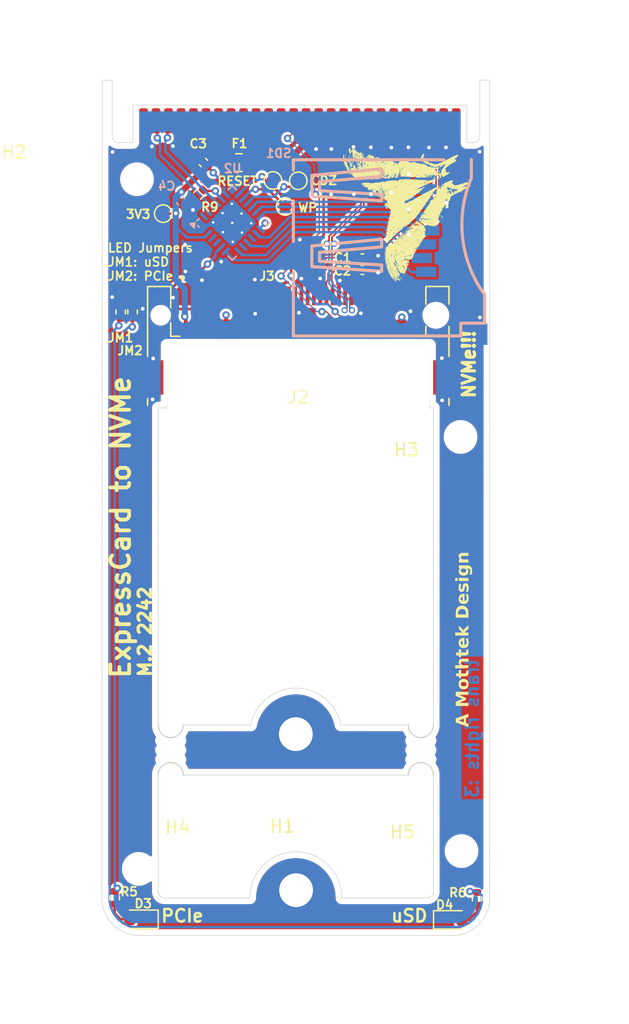
<source format=kicad_pcb>
(kicad_pcb (version 20241229) (generator "pcbnew") (generator_version "9.0")
  (layers (0 "F.Cu" signal) (4 "In1.Cu" signal) (6 "In2.Cu" signal) (2 "B.Cu" signal) (13 "F.Paste" user) (15 "B.Paste" user) (5 "F.SilkS" user "F.Silkscreen") (7 "B.SilkS" user "B.Silkscreen") (1 "F.Mask" user) (3 "B.Mask" user) (25 "Edge.Cuts" user))
  (net 0 "")
  (net 1 "PCIe_TX_P")
  (net 2 "PCIe_TX_N")
  (net 3 "GND")
  (net 4 "3V3")
  (net 5 "PCIe_LED")
  (net 6 "USB_N")
  (net 7 "USB_P")
  (net 9 "PCIe_CLK_P")
  (net 10 "CLKREQ")
  (net 11 "1V5")
  (net 12 "PCIe_RX_N")
  (net 15 "PERST")
  (net 17 "PCIe_CLK_N")
  (net 19 "PCIe_RX_P")
  (net 21 "SD_DAT0")
  (net 22 "PCIe_TX_C_P")
  (net 23 "PCIe_TX_C_N")
  (net 24 "SD_CMD")
  (net 25 "SD_3V3")
  (net 26 "SD_DAT3")
  (net 27 "SD_CLK")
  (net 28 "SD_DAT2")
  (net 29 "SD_DAT1")
  (net 30 "SD_LED")
  (net 31 "3V3_F")
  (net 68 "Net-(D3-A)")
  (net 69 "Net-(D4-A)")
  (net 70 "SD_RESET")
  (net 71 "SD_TEST")
  (net 72 "SD_CDZ")
  (net 73 "SD_WP")
  (net 74 "Net-(U2-RREF)")
  (net 80 "Net-(JM1-Pad1)")
  (net 81 "Net-(JM2-Pad1)")
  (footprint "Resistor_SMD:R_0402_1005Metric" (layer "F.Cu") (at 61.675 67.785001 90)
    (property "Reference" "JM1")
    (property "Value" "0r")
  )
  (footprint "Resistor_SMD:R_0402_1005Metric" (layer "F.Cu") (at 67.9 58.4 45)
    (property "Reference" "R9")
    (property "Value" "680r")
  )
  (footprint "Capacitor_SMD:C_0402_1005Metric" (layer "F.Cu") (at 68.289411 55.839411 -45)
    (property "Reference" "C3")
    (property "Value" "0.1uF")
  )
  (footprint "MountingHole:MountingHole_2.2mm_M2" (layer "F.Cu") (at 88.925 110.875)
    (property "Reference" "H5")
    (property "Value" "MOUNTING SCREW")
  )
  (footprint "Panelization.pretty-master:mouse-bite-2mm-slot" (layer "F.Cu") (at 65.675 102.8 90)
    (property "Reference" "mouse-bite-2mm-slot" (hide yes))
    (property "Value" "VAL**" (hide yes))
    (fp_arc (start -1.999999 -1) (mid -0.999999 0.000002) (end -2 0.999999) (stroke (width 0.1)) (layer "Edge.Cuts"))
    (fp_arc (start 1.999999 1) (mid 0.999999 -0.000002) (end 2 -0.999999) (stroke (width 0.1)) (layer "Edge.Cuts"))
  )
  (footprint "MDT180M03001_2:AMPHENOL_MDT180M03001" (layer "F.Cu") (at 75.875 68.05)
    (property "Reference" "J3")
    (property "Value" "MDT180M03001")
    (fp_line (start -10.5 2.39) (end -10.5 7.2) (stroke (width 0.01)) (layer "Edge.Cuts"))
    (fp_line (start 10.5 2.39) (end -10.5 2.39) (stroke (width 0.01)) (layer "Edge.Cuts"))
    (fp_line (start 10.5 7.2) (end 10.5 2.39) (stroke (width 0.01)) (layer "Edge.Cuts"))
  )
  (footprint "MountingHole:MountingHole_2.2mm_M2" (layer "F.Cu") (at 62.975 57.175)
    (property "Reference" "H2")
    (property "Value" "MOUNTING SCREW")
  )
  (footprint "LED_SMD:LED_0603_1608Metric" (layer "F.Cu") (at 63.1875 116.325 180)
    (property "Reference" "D3")
    (property "Value" "LED")
  )
  (footprint "LED_SMD:LED_0603_1608Metric" (layer "F.Cu") (at 88.175 116.375)
    (property "Reference" "D4")
    (property "Value" "LED")
  )
  (footprint "TestPoint:TestPoint_Pad_D1.0mm" (layer "F.Cu") (at 73.85 57.275)
    (property "Reference" "RESET")
    (property "Value" "SD_RESET")
  )
  (footprint "TestPoint:TestPoint_Pad_D1.0mm" (layer "F.Cu") (at 74.825 59.35)
    (property "Reference" "WP")
    (property "Value" "SD_WP")
  )
  (footprint "Fuse:Fuse_0805_2012Metric" (layer "F.Cu") (at 71.1375 55.85)
    (property "Reference" "F1")
    (property "Value" "Fuse_Small")
  )
  (footprint "thinkmoth:ExpressCard_Plug" (layer "F.Cu") (at 76 52.5)
    (property "Reference" "J2")
    (property "Value" "ExpressCard")
    (fp_line (start -13.35 -1.25) (end 13.35 -1.25) (stroke (width 0.05)) (layer "Edge.Cuts"))
    (fp_line (start -13.35 1.75) (end -13.35 -1.25) (stroke (width 0.05)) (layer "Edge.Cuts"))
    (fp_line (start 13.35 -1.25) (end 13.35 1.75) (stroke (width 0.05)) (layer "Edge.Cuts"))
  )
  (footprint "TestPoint:TestPoint_Pad_D1.0mm" (layer "F.Cu") (at 75.875 57.3)
    (property "Reference" "CDZ")
    (property "Value" "SD_CDZ")
  )
  (footprint "Resistor_SMD:R_0402_1005Metric" (layer "F.Cu") (at 62.625 67.775 90)
    (property "Reference" "JM2")
    (property "Value" "0r")
  )
  (footprint "Capacitor_SMD:C_0402_1005Metric" (layer "F.Cu") (at 80.997684 63.510701 180)
    (property "Reference" "C1")
    (property "Value" "0.1uF")
  )
  (footprint "MountingHole:MountingHole_2.2mm_M2" (layer "F.Cu") (at 63.125 112.3)
    (property "Reference" "H4")
    (property "Value" "MOUNTING SCREW")
  )
  (footprint "Resistor_SMD:R_0402_1005Metric" (layer "F.Cu") (at 90.175 114.689999 90)
    (property "Reference" "R6")
    (property "Value" "4kR")
  )
  (footprint "TestPoint:TestPoint_Pad_D1.0mm" (layer "F.Cu") (at 65.075 59.925)
    (property "Reference" "3V3")
    (property "Value" "3V3")
  )
  (footprint "Capacitor_SMD:C_0402_1005Metric" (layer "F.Cu") (at 81 64.425 180)
    (property "Reference" "C2")
    (property "Value" "0.1uF")
  )
  (footprint "MountingHole:MountingHole_2.2mm_M2" (layer "F.Cu") (at 88.85 77.775)
    (property "Reference" "H3")
    (property "Value" "MOUNTING SCREW")
  )
  (footprint "MountingHole:MountingHole_2.7mm_M2.5_DIN965_Pad" (layer "F.Cu") (at 75.7 114)
    (property "Reference" "H1")
    (property "Value" "M.2 SCREW")
  )
  (footprint "" (layer "F.Cu") (at 75.6775 101.53)
    (property "Reference" "")
    (property "Value" "")
  )
  (footprint "Panelization.pretty-master:mouse-bite-2mm-slot" (layer "F.Cu") (at 85.675 102.8 90)
    (property "Reference" "mouse-bite-2mm-slot" (hide yes))
    (property "Value" "VAL**" (hide yes))
    (fp_arc (start -1.999999 -1) (mid -0.999999 0.000002) (end -2 0.999999) (stroke (width 0.1)) (layer "Edge.Cuts"))
    (fp_arc (start 1.999999 1) (mid 0.999999 -0.000002) (end 2 -0.999999) (stroke (width 0.1)) (layer "Edge.Cuts"))
  )
  (footprint "Resistor_SMD:R_0402_1005Metric" (layer "F.Cu") (at 61.2 114.610001 90)
    (property "Reference" "R5")
    (property "Value" "4kR")
  )
  (footprint "SOFNG-TF-001B:TF-SMD_TF-001B" (layer "B.Cu") (at 82.95 62.85 180)
    (property "Reference" "SD1")
    (property "Value" "TF-001B")
  )
  (footprint "Capacitor_SMD:C_0402_1005Metric" (layer "B.Cu") (at 66.475 58.9 135)
    (property "Reference" "C4")
    (property "Value" "0.1uF")
  )
  (footprint "Package_DFN_QFN:QFN-24-1EP_4x4mm_P0.5mm_EP2.7x2.6mm_ThermalVias" (layer "B.Cu") (at 70.594582 60.662652 -45)
    (property "Reference" "U2")
    (property "Value" "~")
  )
  (gr_poly (pts (xy 84.617994 61.146248) (xy 84.617549 61.145012) (xy 84.617177 61.143855) (xy 84.616877 61.14277) (xy 84.616651 61.141763) (xy 84.616498 61.140829) (xy 84.616423 61.139969) (xy 84.616419 61.139181) (xy 84.616493 61.138468) (xy 84.616643 61.137822) (xy 84.616871 61.137253) (xy 84.617177 61.136752) (xy 84.61756 61.136322) (xy 84.618023 61.135965) (xy 84.618564 61.135672) (xy 84.619188 61.135451) (xy 84.619893 61.135299) (xy 84.620677 61.135213) (xy 84.621543 61.135194) (xy 84.622495 61.135242) (xy 84.623526 61.135358) (xy 84.624645 61.135537) (xy 84.625846 61.135785) (xy 84.627132 61.136092) (xy 84.628505 61.136466) (xy 84.629963 61.136902) (xy 84.633143 61.137966) (xy 84.635709 61.13855) (xy 84.63827 61.138987) (xy 84.640812 61.13928) (xy 84.643319 61.139431) (xy 84.645779 61.139442) (xy 84.648173 61.139312) (xy 84.650486 61.139046) (xy 84.652709 61.138644) (xy 84.65482 61.13811) (xy 84.656807 61.137443) (xy 84.65775 61.13706) (xy 84.658655 61.136646) (xy 84.659524 61.136198) (xy 84.66035 61.13572) (xy 84.661135 61.135209) (xy 84.661874 61.134665) (xy 84.66257 61.134091) (xy 84.663218 61.133488) (xy 84.663814 61.132851) (xy 84.664362 61.132185) (xy 84.664851 61.131488) (xy 84.665289 61.130762) (xy 84.666053 61.129408) (xy 84.666709 61.128313) (xy 84.667258 61.127476) (xy 84.6677 61.126898) (xy 84.66788 61.12671) (xy 84.668032 61.126583) (xy 84.66816 61.12652) (xy 84.668258 61.126525) (xy 84.668334 61.126591) (xy 84.668378 61.126725) (xy 84.668398 61.126923) (xy 84.66839 61.127184) (xy 84.668294 61.127904) (xy 84.668092 61.128886) (xy 84.66778 61.130123) (xy 84.667364 61.131622) (xy 84.666207 61.135392) (xy 84.664619 61.140204) (xy 84.663945 61.142592) (xy 84.663432 61.145099) (xy 84.663081 61.147699) (xy 84.662887 61.150371) (xy 84.662844 61.153087) (xy 84.662952 61.155821) (xy 84.663205 61.15855) (xy 84.663599 61.161245) (xy 84.664127 61.163885) (xy 84.664792 61.166444) (xy 84.665586 61.168893) (xy 84.666506 61.17121) (xy 84.66755 61.173368) (xy 84.668712 61.175344) (xy 84.669988 61.177109) (xy 84.670669 61.177907) (xy 84.671376 61.178644) (xy 84.672125 61.179467) (xy 84.672831 61.180295) (xy 84.67349 61.181121) (xy 84.674106 61.18194) (xy 84.674675 61.182758) (xy 84.6752 61.18357) (xy 84.675678 61.184377) (xy 84.676112 61.185179) (xy 84.676499 61.185969) (xy 84.676841 61.186754) (xy 84.677136 61.187529) (xy 84.677385 61.188289) (xy 84.67759 61.189041) (xy 84.677745 61.189777) (xy 84.677857 61.1905) (xy 84.677917 61.191207) (xy 84.677933 61.191899) (xy 84.677902 61.192573) (xy 84.677823 61.19323) (xy 84.677695 61.193866) (xy 84.677522 61.194481) (xy 84.6773 61.195074) (xy 84.677032 61.195647) (xy 84.676713 61.196193) (xy 84.676346 61.196718) (xy 84.675931 61.197212) (xy 84.675469 61.197684) (xy 84.674955 61.198125) (xy 84.674396 61.19854) (xy 84.673785 61.198922) (xy 84.673127 61.199276) (xy 84.672417 61.199595) (xy 84.671672 61.199878) (xy 84.6709 61.200119) (xy 84.670107 61.200316) (xy 84.669292 61.200474) (xy 84.668458 61.200592) (xy 84.667607 61.200671) (xy 84.666743 61.200712) (xy 84.665864 61.200711) (xy 84.664073 61.200599) (xy 84.662255 61.20034) (xy 84.660423 61.199941) (xy 84.658592 61.199403) (xy 84.656777 61.198735) (xy 84.654995 61.197938) (xy 84.653262 61.197016) (xy 84.651589 61.195979) (xy 84.649996 61.194829) (xy 84.648497 61.19357) (xy 84.647789 61.192902) (xy 84.647107 61.192207) (xy 84.646458 61.191489) (xy 84.645844 61.190747) (xy 84.644452 61.189465) (xy 84.642978 61.187958) (xy 84.641428 61.186243) (xy 84.639824 61.184339) (xy 84.636494 61.180042) (xy 84.633107 61.175212) (xy 84.629775 61.170002) (xy 84.626617 61.164558) (xy 84.62514 61.161799) (xy 84.623747 61.159034) (xy 84.622454 61.156285) (xy 84.62128 61.153572) (xy 84.619755 61.150408) (xy 84.618511 61.147556)) (fill yes) (layer "F.SilkS"))
  (gr_poly (pts (xy 85.534018 60.55833) (xy 85.533962 60.558069) (xy 85.533936 60.557794) (xy 85.533941 60.55751) (xy 85.534036 60.556911) (xy 85.534248 60.556278) (xy 85.534573 60.555616) (xy 85.535008 60.55493) (xy 85.535553 60.554227) (xy 85.536207 60.55351) (xy 85.536961 60.552787) (xy 85.537819 60.55206) (xy 85.538775 60.551338) (xy 85.53983 60.550626) (xy 85.54098 60.549926) (xy 85.542225 60.549246) (xy 85.543558 60.548591) (xy 85.544981 60.547966) (xy 85.545599 60.547733) (xy 85.546232 60.547534) (xy 85.546878 60.547376) (xy 85.547535 60.547256) (xy 85.548202 60.547168) (xy 85.548875 60.547119) (xy 85.549555 60.547104) (xy 85.550241 60.547124) (xy 85.550928 60.54718) (xy 85.551619 60.547269) (xy 85.552308 60.54739) (xy 85.552996 60.547547) (xy 85.553681 60.547734) (xy 85.55436 60.547954) (xy 85.555033 60.548208) (xy 85.555698 60.54849) (xy 85.556356 60.548805) (xy 85.557001 60.549149) (xy 85.557631 60.549524) (xy 85.558249 60.549928) (xy 85.558851 60.550363) (xy 85.559435 60.550823) (xy 85.559998 60.551314) (xy 85.560544 60.55183) (xy 85.561065 60.552375) (xy 85.561563 60.552946) (xy 85.562035 60.553542) (xy 85.562481 60.554167) (xy 85.562895 60.554813) (xy 85.563283 60.555486) (xy 85.563637 60.556186) (xy 85.563959 60.556906) (xy 85.56419 60.557514) (xy 85.564371 60.558113) (xy 85.564506 60.558704) (xy 85.5646 60.559283) (xy 85.564649 60.559853) (xy 85.564654 60.560411) (xy 85.564619 60.560955) (xy 85.564542 60.561485) (xy 85.564426 60.562001) (xy 85.564272 60.562501) (xy 85.564078 60.562985) (xy 85.563848 60.563449) (xy 85.563585 60.563896) (xy 85.563284 60.564322) (xy 85.562951 60.564729) (xy 85.562585 60.565111) (xy 85.562188 60.565476) (xy 85.561757 60.565812) (xy 85.561298 60.566126) (xy 85.560813 60.566413) (xy 85.560296 60.566675) (xy 85.559755 60.566909) (xy 85.559187 60.567115) (xy 85.558595 60.567292) (xy 85.557978 60.567436) (xy 85.557339 60.56755) (xy 85.556678 60.567633) (xy 85.555996 60.567682) (xy 85.555295 60.567695) (xy 85.554575 60.567674) (xy 85.553837 60.567617) (xy 85.553081 60.567521) (xy 85.55133 60.567353) (xy 85.549621 60.567104) (xy 85.547963 60.566783) (xy 85.546361 60.566391) (xy 85.544822 60.56594) (xy 85.543355 60.565429) (xy 85.541966 60.564869) (xy 85.540659 60.564266) (xy 85.539445 60.563625) (xy 85.53833 60.562951) (xy 85.537323 60.562252) (xy 85.536426 60.561533) (xy 85.536021 60.561169) (xy 85.535649 60.560801) (xy 85.535307 60.560432) (xy 85.534998 60.560061) (xy 85.534723 60.559688) (xy 85.53448 60.559318) (xy 85.534274 60.558948) (xy 85.534104 60.558581)) (fill yes) (layer "F.SilkS"))
  (gr_poly (pts (xy 83.563388 63.949989) (xy 83.562885 63.948642) (xy 83.562411 63.947293) (xy 83.561975 63.945946) (xy 83.561569 63.944603) (xy 83.561201 63.943269) (xy 83.560868 63.941943) (xy 83.560569 63.94063) (xy 83.560305 63.939331) (xy 83.560077 63.938048) (xy 83.559884 63.936787) (xy 83.559725 63.935548) (xy 83.559603 63.934331) (xy 83.559518 63.933143) (xy 83.559467 63.931981) (xy 83.559454 63.930852) (xy 83.559476 63.929758) (xy 83.559537 63.9287) (xy 83.559633 63.927683) (xy 83.559767 63.926705) (xy 83.559938 63.925772) (xy 83.560146 63.924886) (xy 83.560392 63.924046) (xy 83.560675 63.923259) (xy 83.560996 63.922527) (xy 83.561356 63.921849) (xy 83.561755 63.921229) (xy 83.56219 63.920671) (xy 83.562665 63.920177) (xy 83.563178 63.919747) (xy 83.563731 63.919389) (xy 83.564322 63.919099) (xy 83.566493 63.91828) (xy 83.568603 63.917639) (xy 83.570649 63.917174) (xy 83.572628 63.916878) (xy 83.574537 63.916742) (xy 83.576374 63.916765) (xy 83.578133 63.916942) (xy 83.579814 63.917264) (xy 83.581412 63.917728) (xy 83.582925 63.918329) (xy 83.584351 63.919059) (xy 83.585684 63.919916) (xy 83.586922 63.920893) (xy 83.588063 63.921983) (xy 83.589103 63.923183) (xy 83.590037 63.924484) (xy 83.590866 63.925887) (xy 83.591584 63.927379) (xy 83.592189 63.92896) (xy 83.592678 63.930622) (xy 83.593047 63.932362) (xy 83.593292 63.934171) (xy 83.593416 63.936046) (xy 83.593409 63.937982) (xy 83.593269 63.939973) (xy 83.592996 63.942009) (xy 83.592584 63.944091) (xy 83.592029 63.946213) (xy 83.591332 63.948365) (xy 83.590487 63.950547) (xy 83.589495 63.95275) (xy 83.588346 63.95497) (xy 83.586275 63.958492) (xy 83.584379 63.961535) (xy 83.582637 63.964094) (xy 83.581026 63.966163) (xy 83.580262 63.967016) (xy 83.579523 63.967741) (xy 83.578806 63.968346) (xy 83.578108 63.96882) (xy 83.577427 63.969175) (xy 83.576758 63.969401) (xy 83.576101 63.969503) (xy 83.575451 63.969475) (xy 83.574808 63.969321) (xy 83.574168 63.96904) (xy 83.573526 63.968629) (xy 83.572882 63.968088) (xy 83.572232 63.967418) (xy 83.571572 63.966617) (xy 83.570904 63.965687) (xy 83.570221 63.964625) (xy 83.568803 63.962105) (xy 83.567295 63.959054) (xy 83.56568 63.955465) (xy 83.56393 63.951337)) (fill yes) (layer "F.SilkS"))
  (gr_poly (pts (xy 80.181456 55.634507) (xy 80.180475 55.631924) (xy 80.179575 55.629411) (xy 80.17875 55.626967) (xy 80.178003 55.624596) (xy 80.177332 55.622293) (xy 80.176739 55.620062) (xy 80.176218 55.617905) (xy 80.175775 55.615821) (xy 80.175406 55.613813) (xy 80.17511 55.61188) (xy 80.174886 55.610021) (xy 80.174736 55.608238) (xy 80.174659 55.606534) (xy 80.174653 55.604909) (xy 80.17472 55.603362) (xy 80.174856 55.601894) (xy 80.175064 55.600508) (xy 80.17534 55.599203) (xy 80.175685 55.597978) (xy 80.176102 55.596838) (xy 80.176583 55.595782) (xy 80.177134 55.594809) (xy 80.177753 55.593922) (xy 80.178436 55.593123) (xy 80.179187 55.592408) (xy 80.180003 55.591779) (xy 80.180883 55.59124) (xy 80.181829 55.59079) (xy 80.182686 55.590397) (xy 80.183542 55.589921) (xy 80.184399 55.589372) (xy 80.185253 55.588746) (xy 80.186951 55.58728) (xy 80.188628 55.58554) (xy 80.190268 55.583549) (xy 80.191866 55.581316) (xy 80.193408 55.578868) (xy 80.194884 55.576219) (xy 80.196287 55.573385) (xy 80.197599 55.570386) (xy 80.198818 55.567239) (xy 80.199926 55.563963) (xy 80.20092 55.560574) (xy 80.201783 55.557091) (xy 80.202508 55.55353) (xy 80.203081 55.549914) (xy 80.204062 55.544922) (xy 80.205081 55.540477) (xy 80.205613 55.538454) (xy 80.206164 55.536556) (xy 80.206734 55.534788) (xy 80.207326 55.533144) (xy 80.207945 55.531619) (xy 80.208593 55.530214) (xy 80.20927 55.528925) (xy 80.209984 55.52775) (xy 80.210731 55.526688) (xy 80.211518 55.525732) (xy 80.212343 55.524885) (xy 80.213216 55.524141) (xy 80.214134 55.523497) (xy 80.215102 55.522956) (xy 80.216122 55.522509) (xy 80.217194 55.522157) (xy 80.218325 55.521897) (xy 80.219513 55.521724) (xy 80.220767 55.521639) (xy 80.222084 55.521637) (xy 80.223468 55.521718) (xy 80.224922 55.521878) (xy 80.226447 55.522114) (xy 80.228052 55.522425) (xy 80.22973 55.52281) (xy 80.231492 55.523261) (xy 80.235263 55.524364) (xy 80.239186 55.525499) (xy 80.24257 55.526677) (xy 80.245412 55.527926) (xy 80.246628 55.528588) (xy 80.247707 55.52928) (xy 80.248648 55.530009) (xy 80.24945 55.530776) (xy 80.250112 55.531583) (xy 80.250638 55.532439) (xy 80.251023 55.533347) (xy 80.251267 55.53431) (xy 80.25137 55.535333) (xy 80.251332 55.536418) (xy 80.25115 55.537571) (xy 80.250829 55.538796) (xy 80.250363 55.5401) (xy 80.249754 55.54148) (xy 80.248999 55.542947) (xy 80.248102 55.544504) (xy 80.24587 55.547891) (xy 80.243053 55.551686) (xy 80.239647 55.555918) (xy 80.235651 55.56062) (xy 80.231054 55.565818) (xy 80.227667 55.569957) (xy 80.224491 55.574313) (xy 80.221526 55.578867) (xy 80.218777 55.583601) (xy 80.216245 55.588494) (xy 80.213937 55.593528) (xy 80.211852 55.598685) (xy 80.209997 55.603944) (xy 80.20837 55.609285) (xy 80.206981 55.614691) (xy 80.205829 55.62014) (xy 80.204917 55.625616) (xy 80.204251 55.631099) (xy 80.203829 55.636567) (xy 80.203661 55.642005) (xy 80.203746 55.647389) (xy 80.207989 55.694507) (xy 80.186165 55.645509) (xy 80.184868 55.642659) (xy 80.183652 55.639873) (xy 80.182514 55.637156)) (fill yes) (layer "F.SilkS"))
  (gr_poly (pts (xy 86.937767 56.978071) (xy 86.937513 56.977332) (xy 86.937296 56.976592) (xy 86.937109 56.975845) (xy 86.936954 56.975101) (xy 86.936835 56.974358) (xy 86.936749 56.973617) (xy 86.936695 56.972879) (xy 86.936676 56.972144) (xy 86.936688 56.971415) (xy 86.936733 56.970693) (xy 86.936813 56.969978) (xy 86.936925 56.969275) (xy 86.937069 56.968578) (xy 86.937247 56.967893) (xy 86.937453 56.967219) (xy 86.937696 56.966559) (xy 86.937968 56.965915) (xy 86.938276 56.965286) (xy 86.938612 56.964674) (xy 86.938984 56.96408) (xy 86.939385 56.963506) (xy 86.939821 56.962952) (xy 86.940286 56.962417) (xy 86.940784 56.961908) (xy 86.941314 56.961423) (xy 86.941875 56.960959) (xy 86.942469 56.960525) (xy 86.943091 56.960116) (xy 86.943747 56.959736) (xy 86.944433 56.959387) (xy 86.945152 56.959068) (xy 86.945765 56.95882) (xy 86.946384 56.958591) (xy 86.947006 56.958376) (xy 86.94763 56.958177) (xy 86.948256 56.957992) (xy 86.948881 56.957823) (xy 86.949504 56.957671) (xy 86.950123 56.957533) (xy 86.951349 56.957302) (xy 86.95254 56.957136) (xy 86.95312 56.957073) (xy 86.95369 56.957028) (xy 86.954245 56.956999) (xy 86.954789 56.956983) (xy 86.955314 56.956984) (xy 86.955825 56.957001) (xy 86.956313 56.957034) (xy 86.956784 56.957081) (xy 86.957232 56.957148) (xy 86.957657 56.957225) (xy 86.958058 56.95732) (xy 86.958434 56.957431) (xy 86.958782 56.957557) (xy 86.959104 56.957698) (xy 86.959392 56.957857) (xy 86.95965 56.958031) (xy 86.959878 56.958219) (xy 86.960071 56.958424) (xy 86.960228 56.958645) (xy 86.960348 56.95888) (xy 86.960484 56.959263) (xy 86.960588 56.959675) (xy 86.960663 56.960116) (xy 86.960707 56.960582) (xy 86.960714 56.961588) (xy 86.960611 56.962686) (xy 86.960404 56.963862) (xy 86.960105 56.965103) (xy 86.959715 56.9664) (xy 86.959244 56.96774) (xy 86.958695 56.969111) (xy 86.958076 56.970502) (xy 86.957394 56.971902) (xy 86.956654 56.973298) (xy 86.955864 56.974681) (xy 86.955029 56.976038) (xy 86.954156 56.977354) (xy 86.953252 56.978623) (xy 86.952671 56.97927) (xy 86.952088 56.979875) (xy 86.951509 56.980434) (xy 86.950928 56.98095) (xy 86.95035 56.981423) (xy 86.949776 56.981853) (xy 86.949206 56.982243) (xy 86.948641 56.982584) (xy 86.948078 56.982887) (xy 86.947521 56.983147) (xy 86.946972 56.983365) (xy 86.94643 56.983542) (xy 86.945894 56.983678) (xy 86.945366 56.983774) (xy 86.944848 56.983827) (xy 86.944339 56.983842) (xy 86.943841 56.983814) (xy 86.943353 56.983748) (xy 86.942878 56.983645) (xy 86.942413 56.983501) (xy 86.941963 56.983316) (xy 86.941527 56.983094) (xy 86.941103 56.982834) (xy 86.940695 56.982534) (xy 86.940303 56.982198) (xy 86.939928 56.981824) (xy 86.939568 56.981411) (xy 86.939228 56.980964) (xy 86.938905 56.980479) (xy 86.938601 56.979958) (xy 86.938318 56.979401) (xy 86.938054 56.978807)) (fill yes) (layer "F.SilkS"))
  (gr_poly (pts (xy 88.442488 55.559037) (xy 88.442242 55.558309) (xy 88.442025 55.557586) (xy 88.441847 55.556865) (xy 88.441705 55.556153) (xy 88.441596 55.555444) (xy 88.441522 55.554744) (xy 88.441479 55.554054) (xy 88.441471 55.55337) (xy 88.441495 55.552696) (xy 88.441549 55.552033) (xy 88.441635 55.551384) (xy 88.441751 55.550742) (xy 88.441899 55.550114) (xy 88.442075 55.5495) (xy 88.442281 55.5489) (xy 88.442515 55.548315) (xy 88.442778 55.547746) (xy 88.443068 55.547195) (xy 88.443383 55.546659) (xy 88.443728 55.546142) (xy 88.444097 55.545644) (xy 88.444492 55.545165) (xy 88.444911 55.544709) (xy 88.445356 55.544271) (xy 88.445826 55.543857) (xy 88.446316 55.543464) (xy 88.446831 55.543097) (xy 88.447366 55.542752) (xy 88.447926 55.542433) (xy 88.448505 55.54214) (xy 88.449106 55.541873) (xy 88.44985 55.541584) (xy 88.450612 55.541319) (xy 88.451392 55.541084) (xy 88.452188 55.540877) (xy 88.452998 55.540697) (xy 88.453822 55.540543) (xy 88.454657 55.540418) (xy 88.455504 55.540322) (xy 88.457222 55.540208) (xy 88.458967 55.540207) (xy 88.460725 55.540312) (xy 88.462488 55.540531) (xy 88.464242 55.540858) (xy 88.465113 55.541066) (xy 88.465977 55.541299) (xy 88.466834 55.54156) (xy 88.467682 55.541849) (xy 88.46852 55.542165) (xy 88.469346 55.542511) (xy 88.470158 55.542882) (xy 88.470957 55.543283) (xy 88.471739 55.543709) (xy 88.472506 55.544166) (xy 88.473251 55.54465) (xy 88.47398 55.545163) (xy 88.474683 55.5457) (xy 88.475365 55.546269) (xy 88.475961 55.546739) (xy 88.476501 55.547229) (xy 88.476986 55.547741) (xy 88.477419 55.548268) (xy 88.477802 55.548812) (xy 88.478133 55.549371) (xy 88.478407 55.549942) (xy 88.478634 55.550525) (xy 88.478805 55.551117) (xy 88.478929 55.55172) (xy 88.478998 55.552331) (xy 88.479019 55.552947) (xy 88.478985 55.553566) (xy 88.478904 55.554189) (xy 88.478771 55.554813) (xy 88.478589 55.555437) (xy 88.478359 55.556056) (xy 88.478075 55.556677) (xy 88.477743 55.557288) (xy 88.477362 55.557897) (xy 88.476933 55.558495) (xy 88.476454 55.559089) (xy 88.475928 55.559668) (xy 88.475354 55.560236) (xy 88.474727 55.56079) (xy 88.474057 55.56133) (xy 88.473336 55.561854) (xy 88.472571 55.562358) (xy 88.471757 55.562842) (xy 88.470896 55.563308) (xy 88.469986 55.563749) (xy 88.469035 55.564167) (xy 88.467934 55.564599) (xy 88.466833 55.56499) (xy 88.465738 55.565337) (xy 88.464647 55.565641) (xy 88.46356 55.565903) (xy 88.462483 55.566124) (xy 88.461416 55.566305) (xy 88.46036 55.566446) (xy 88.459315 55.566548) (xy 88.458287 55.566613) (xy 88.457274 55.566639) (xy 88.456279 55.566629) (xy 88.455304 55.566585) (xy 88.454353 55.566503) (xy 88.45342 55.566385) (xy 88.452517 55.566236) (xy 88.451637 55.566052) (xy 88.450785 55.565834) (xy 88.449964 55.565586) (xy 88.449173 55.565307) (xy 88.448419 55.564996) (xy 88.447697 55.564656) (xy 88.447013 55.564289) (xy 88.446365 55.563889) (xy 88.445757 55.563465) (xy 88.445192 55.563014) (xy 88.444671 55.562534) (xy 88.444194 55.56203) (xy 88.443766 55.561501) (xy 88.443384 55.560948) (xy 88.443052 55.56037) (xy 88.442773 55.559771)) (fill yes) (layer "F.SilkS"))
  (gr_poly (pts (xy 89.291216 57.962557) (xy 89.291052 57.961934) (xy 89.290925 57.961286) (xy 89.290841 57.960616) (xy 89.2908 57.959924) (xy 89.290802 57.959211) (xy 89.290849 57.958479) (xy 89.290938 57.957725) (xy 89.291084 57.956814) (xy 89.291392 57.955853) (xy 89.292478 57.953799) (xy 89.294161 57.951577) (xy 89.296408 57.949207) (xy 89.299182 57.946706) (xy 89.30245 57.944096) (xy 89.306177 57.941395) (xy 89.310327 57.938618) (xy 89.314867 57.935792) (xy 89.319764 57.932928) (xy 89.330477 57.927171) (xy 89.342194 57.921501) (xy 89.354635 57.916068) (xy 89.362228 57.913225) (xy 89.369171 57.910701) (xy 89.375465 57.908489) (xy 89.381119 57.9066) (xy 89.383705 57.905778) (xy 89.386136 57.905037) (xy 89.38841 57.90438) (xy 89.390525 57.903806) (xy 89.392487 57.903313) (xy 89.394292 57.902906) (xy 89.395945 57.902583) (xy 89.397444 57.902343) (xy 89.39879 57.902192) (xy 89.399986 57.902123) (xy 89.40103 57.902143) (xy 89.401923 57.902251) (xy 89.402312 57.90234) (xy 89.402667 57.902446) (xy 89.402983 57.902578) (xy 89.403263 57.902728) (xy 89.403505 57.902905) (xy 89.40371 57.903101) (xy 89.403879 57.90332) (xy 89.404009 57.903561) (xy 89.404105 57.903826) (xy 89.404166 57.904112) (xy 89.404187 57.904421) (xy 89.404173 57.904754) (xy 89.404122 57.905108) (xy 89.404037 57.905484) (xy 89.403757 57.906307) (xy 89.403334 57.907221) (xy 89.402769 57.908228) (xy 89.402061 57.909329) (xy 89.401214 57.910518) (xy 89.398119 57.914305) (xy 89.394392 57.918206) (xy 89.390077 57.922191) (xy 89.385239 57.92623) (xy 89.379926 57.930296) (xy 89.374196 57.934357) (xy 89.368103 57.938384) (xy 89.361704 57.942351) (xy 89.355049 57.946223) (xy 89.348198 57.949976) (xy 89.341202 57.953577) (xy 89.334119 57.956998) (xy 89.327002 57.960208) (xy 89.319908 57.963178) (xy 89.31289 57.965881) (xy 89.306004 57.968286) (xy 89.305106 57.968498) (xy 89.304229 57.968665) (xy 89.30337 57.968792) (xy 89.30253 57.968877) (xy 89.301715 57.96892) (xy 89.30092 57.968927) (xy 89.300149 57.968893) (xy 89.2994 57.968824) (xy 89.298679 57.968716) (xy 89.297984 57.968571) (xy 89.297313 57.968393) (xy 89.296669 57.968179) (xy 89.296056 57.967929) (xy 89.29547 57.967646) (xy 89.294916 57.967332) (xy 89.294392 57.966985) (xy 89.2939 57.966608) (xy 89.293441 57.9662) (xy 89.293017 57.965762) (xy 89.292624 57.965295) (xy 89.29227 57.964801) (xy 89.291951 57.964281) (xy 89.291666 57.963731) (xy 89.291422 57.963157)) (fill yes) (layer "F.SilkS"))
  (gr_poly (pts (xy 80.486568 56.042103) (xy 80.486239 56.040937) (xy 80.486005 56.039775) (xy 80.48587 56.038623) (xy 80.485835 56.037487) (xy 80.485899 56.036371) (xy 80.486067 56.03528) (xy 80.486339 56.034217) (xy 80.486717 56.033189) (xy 80.487204 56.032196) (xy 80.487797 56.031248) (xy 80.488502 56.030347) (xy 80.48932 56.029498) (xy 80.490251 56.028707) (xy 80.4913 56.027977) (xy 80.492465 56.027314) (xy 80.49375 56.026719) (xy 80.494376 56.02649) (xy 80.49503 56.026312) (xy 80.495712 56.026181) (xy 80.496418 56.026097) (xy 80.49715 56.026058) (xy 80.497905 56.026064) (xy 80.499479 56.026206) (xy 80.501133 56.026513) (xy 80.50285 56.026978) (xy 80.504626 56.027586) (xy 80.506446 56.028332) (xy 80.508303 56.029208) (xy 80.510185 56.030203) (xy 80.512079 56.031309) (xy 80.513979 56.032514) (xy 80.515871 56.033813) (xy 80.517747 56.035197) (xy 80.519595 56.036652) (xy 80.521406 56.038173) (xy 80.522704 56.039737) (xy 80.523857 56.041271) (xy 80.52487 56.042772) (xy 80.525742 56.044232) (xy 80.526481 56.045651) (xy 80.527082 56.047026) (xy 80.527555 56.048357) (xy 80.527896 56.049636) (xy 80.528112 56.050864) (xy 80.528201 56.052038) (xy 80.52817 56.053149) (xy 80.528018 56.054201) (xy 80.527748 56.055189) (xy 80.527366 56.056107) (xy 80.526869 56.056961) (xy 80.526263 56.057736) (xy 80.525547 56.058436) (xy 80.52473 56.059057) (xy 80.523809 56.059595) (xy 80.522785 56.060051) (xy 80.521665 56.060415) (xy 80.52045 56.060691) (xy 80.519142 56.060871) (xy 80.517741 56.060957) (xy 80.516252 56.06094) (xy 80.514677 56.06082) (xy 80.513021 56.060598) (xy 80.511281 56.060262) (xy 80.509464 56.05982) (xy 80.507571 56.05926) (xy 80.505604 56.05858) (xy 80.503564 56.057782) (xy 80.50192 56.057153) (xy 80.500346 56.056455) (xy 80.498844 56.055693) (xy 80.497414 56.054872) (xy 80.496062 56.053998) (xy 80.494784 56.053073) (xy 80.493584 56.052102) (xy 80.492463 56.051092) (xy 80.491424 56.050047) (xy 80.490468 56.048968) (xy 80.489597 56.047863) (xy 80.488813 56.046738) (xy 80.488116 56.045594) (xy 80.487508 56.044438) (xy 80.486991 56.043271)) (fill yes) (layer "F.SilkS"))
  (gr_poly (pts (xy 86.668615 57.136671) (xy 86.668194 57.135293) (xy 86.667517 57.132238) (xy 86.667069 57.128781) (xy 86.666855 57.124935) (xy 86.666875 57.120704) (xy 86.667131 57.116097) (xy 86.667632 57.111121) (xy 86.668375 57.105786) (xy 86.66866 57.104415) (xy 86.668966 57.103109) (xy 86.669287 57.101865) (xy 86.669628 57.100689) (xy 86.669986 57.099575) (xy 86.670361 57.09853) (xy 86.670757 57.097548) (xy 86.67117 57.096633) (xy 86.6716 57.095785) (xy 86.672051 57.095003) (xy 86.67252 57.094287) (xy 86.673007 57.093638) (xy 86.673513 57.093058) (xy 86.67404 57.092543) (xy 86.674582 57.092095) (xy 86.675146 57.091716) (xy 86.675729 57.091404) (xy 86.676332 57.091165) (xy 86.676953 57.090989) (xy 86.677592 57.090884) (xy 86.678255 57.090849) (xy 86.678936 57.090882) (xy 86.679636 57.090985) (xy 86.680357 57.091157) (xy 86.681097 57.091399) (xy 86.681857 57.091715) (xy 86.682638 57.092096) (xy 86.683438 57.092551) (xy 86.684261 57.093076) (xy 86.685102 57.093672) (xy 86.685967 57.09434) (xy 86.686849 57.09508) (xy 86.68843 57.096306) (xy 86.689892 57.097621) (xy 86.691247 57.099016) (xy 86.692487 57.10048) (xy 86.693615 57.102009) (xy 86.694633 57.103597) (xy 86.69554 57.105238) (xy 86.696337 57.106925) (xy 86.697025 57.108648) (xy 86.697605 57.110406) (xy 86.698075 57.112186) (xy 86.698438 57.113985) (xy 86.698694 57.115798) (xy 86.698846 57.117615) (xy 86.69889 57.11943) (xy 86.698831 57.121237) (xy 86.698665 57.123028) (xy 86.698393 57.1248) (xy 86.698023 57.126544) (xy 86.697545 57.128251) (xy 86.696969 57.129918) (xy 86.696289 57.131536) (xy 86.695508 57.133099) (xy 86.694629 57.1346) (xy 86.693646 57.136033) (xy 86.692567 57.13739) (xy 86.691389 57.138668) (xy 86.69011 57.139856) (xy 86.688736 57.14095) (xy 86.687266 57.141941) (xy 86.685698 57.142825) (xy 86.684035 57.143593) (xy 86.682716 57.14409) (xy 86.681445 57.144471) (xy 86.680224 57.144735) (xy 86.679055 57.144881) (xy 86.677935 57.144912) (xy 86.676868 57.144831) (xy 86.675852 57.144636) (xy 86.674888 57.14433) (xy 86.673978 57.143909) (xy 86.673117 57.14338) (xy 86.672312 57.142742) (xy 86.671559 57.141995) (xy 86.670862 57.141141) (xy 86.670216 57.140181) (xy 86.669628 57.139115) (xy 86.669095 57.137944)) (fill yes) (layer "F.SilkS"))
  (gr_poly (pts (xy 82.537457 58.707575) (xy 82.537241 58.706832) (xy 82.537081 58.706085) (xy 82.536982 58.705334) (xy 82.536938 58.704579) (xy 82.536946 58.703824) (xy 82.537011 58.703067) (xy 82.537128 58.702309) (xy 82.537296 58.701551) (xy 82.537516 58.700797) (xy 82.537784 58.700045) (xy 82.538102 58.699297) (xy 82.538881 58.697816) (xy 82.539844 58.696363) (xy 82.540982 58.694943) (xy 82.542286 58.693566) (xy 82.543751 58.69224) (xy 82.545366 58.690972) (xy 82.547127 58.689771) (xy 82.549022 58.68864) (xy 82.551045 58.687593) (xy 82.553188 58.686636) (xy 82.554157 58.686251) (xy 82.555108 58.685912) (xy 82.556037 58.685614) (xy 82.556946 58.685358) (xy 82.557834 58.685144) (xy 82.558698 58.684976) (xy 82.55954 58.684848) (xy 82.560361 58.684761) (xy 82.561152 58.684718) (xy 82.561918 58.684715) (xy 82.562658 58.684753) (xy 82.563368 58.684834) (xy 82.564053 58.684956) (xy 82.564705 58.685116) (xy 82.565326 58.68532) (xy 82.565917 58.685563) (xy 82.566476 58.685846) (xy 82.567 58.686171) (xy 82.567491 58.686532) (xy 82.567945 58.686938) (xy 82.568364 58.687379) (xy 82.568745 58.687861) (xy 82.56909 58.688381) (xy 82.569395 58.688945) (xy 82.569659 58.689543) (xy 82.569883 58.69018) (xy 82.570067 58.690856) (xy 82.570205 58.691571) (xy 82.570304 58.692327) (xy 82.570356 58.693116) (xy 82.57036 58.693944) (xy 82.570324 58.694811) (xy 82.570035 58.69636) (xy 82.569631 58.697946) (xy 82.569116 58.699557) (xy 82.568496 58.701176) (xy 82.567775 58.702795) (xy 82.566961 58.704393) (xy 82.566056 58.705962) (xy 82.565072 58.707488) (xy 82.564008 58.708955) (xy 82.562872 58.710353) (xy 82.561672 58.711664) (xy 82.560407 58.712879) (xy 82.559091 58.713981) (xy 82.557723 58.714961) (xy 82.556313 58.715802) (xy 82.555591 58.716164) (xy 82.554862 58.71649) (xy 82.554248 58.716721) (xy 82.553625 58.716915) (xy 82.552998 58.717067) (xy 82.552364 58.71718) (xy 82.55173 58.717257) (xy 82.551091 58.717295) (xy 82.550453 58.717299) (xy 82.549815 58.717267) (xy 82.54918 58.717201) (xy 82.548544 58.717102) (xy 82.547914 58.71697) (xy 82.547289 58.716808) (xy 82.54667 58.716614) (xy 82.546058 58.716389) (xy 82.545456 58.716138) (xy 82.544864 58.715858) (xy 82.544283 58.715551) (xy 82.543712 58.715217) (xy 82.54316 58.714858) (xy 82.542617 58.714475) (xy 82.542094 58.71407) (xy 82.541586 58.71364) (xy 82.541098 58.713191) (xy 82.54063 58.71272) (xy 82.540181 58.712228) (xy 82.539754 58.711719) (xy 82.539351 58.711191) (xy 82.538973 58.710648) (xy 82.538619 58.710084) (xy 82.538295 58.709508) (xy 82.537997 58.708917) (xy 82.537729 58.708314)) (fill yes) (layer "F.SilkS"))
  (gr_poly (pts (xy 80.814033 57.492259) (xy 80.8137 57.491188) (xy 80.813466 57.490158) (xy 80.813333 57.489171) (xy 80.813296 57.488224) (xy 80.813362 57.48732) (xy 80.813527 57.486452) (xy 80.81379 57.485626) (xy 80.814156 57.484835) (xy 80.81462 57.484082) (xy 80.815184 57.483367) (xy 80.81585 57.482684) (xy 80.816615 57.482034) (xy 80.817483 57.48142) (xy 80.818453 57.480837) (xy 80.819522 57.480286) (xy 80.820694 57.479763) (xy 80.821321 57.479543) (xy 80.821987 57.479387) (xy 80.822682 57.479292) (xy 80.82341 57.479263) (xy 80.824165 57.479292) (xy 80.824951 57.47938) (xy 80.826599 57.479729) (xy 80.828338 57.4803) (xy 80.830153 57.481081) (xy 80.832036 57.482066) (xy 80.83397 57.483239) (xy 80.835943 57.484592) (xy 80.837943 57.486119) (xy 80.839956 57.487803) (xy 80.841967 57.48964) (xy 80.843965 57.491615) (xy 80.845938 57.493719) (xy 80.847868 57.495944) (xy 80.849746 57.498277) (xy 80.851491 57.500633) (xy 80.85304 57.502924) (xy 80.854395 57.505144) (xy 80.85556 57.507291) (xy 80.856545 57.50936) (xy 80.857351 57.511341) (xy 80.857985 57.513234) (xy 80.85845 57.515029) (xy 80.858753 57.516725) (xy 80.8589 57.518318) (xy 80.858893 57.519796) (xy 80.858739 57.52116) (xy 80.858445 57.522401) (xy 80.858013 57.523517) (xy 80.857449 57.524501) (xy 80.856756 57.525349) (xy 80.855946 57.526053) (xy 80.855019 57.526611) (xy 80.853978 57.527016) (xy 80.852831 57.527263) (xy 80.851586 57.527347) (xy 80.850244 57.527265) (xy 80.848811 57.527008) (xy 80.84729 57.526572) (xy 80.845691 57.525953) (xy 80.844015 57.525146) (xy 80.842269 57.524145) (xy 80.840459 57.522944) (xy 80.838587 57.521539) (xy 80.836662 57.519924) (xy 80.834686 57.518094) (xy 80.832667 57.516043) (xy 80.82898 57.512327) (xy 80.827281 57.510553) (xy 80.825676 57.508835) (xy 80.82417 57.507172) (xy 80.822761 57.505564) (xy 80.82145 57.504009) (xy 80.820234 57.502507) (xy 80.819117 57.501056) (xy 80.818096 57.499654) (xy 80.817173 57.498304) (xy 80.816349 57.497001) (xy 80.815623 57.495747) (xy 80.814994 57.494539) (xy 80.814464 57.493376)) (fill yes) (layer "F.SilkS"))
  (gr_poly (pts (xy 81.389931 57.227855) (xy 81.38966 57.227135) (xy 81.389409 57.226426) (xy 81.389179 57.22573) (xy 81.388969 57.225042) (xy 81.388781 57.224369) (xy 81.388611 57.223707) (xy 81.388461 57.223061) (xy 81.38833 57.222427) (xy 81.38822 57.221812) (xy 81.388128 57.221208) (xy 81.388053 57.220622) (xy 81.387998 57.220054) (xy 81.38796 57.219504) (xy 81.387941 57.21897) (xy 81.387938 57.218457) (xy 81.387954 57.217964) (xy 81.387985 57.217491) (xy 81.388032 57.217038) (xy 81.388097 57.216607) (xy 81.388177 57.216199) (xy 81.388274 57.215816) (xy 81.388386 57.215453) (xy 81.388512 57.215119) (xy 81.388655 57.214805) (xy 81.388809 57.214519) (xy 81.388981 57.214261) (xy 81.389164 57.214028) (xy 81.389364 57.213825) (xy 81.389576 57.213649) (xy 81.389802 57.213502) (xy 81.390038 57.213386) (xy 81.39042 57.213246) (xy 81.390827 57.213131) (xy 81.391716 57.212972) (xy 81.3927 57.212908) (xy 81.393768 57.21294) (xy 81.394911 57.213063) (xy 81.396118 57.213284) (xy 81.397382 57.213597) (xy 81.398696 57.214001) (xy 81.400044 57.214499) (xy 81.401423 57.215085) (xy 81.402821 57.215764) (xy 81.404228 57.216532) (xy 81.40564 57.217385) (xy 81.407038 57.21833) (xy 81.408422 57.219363) (xy 81.409781 57.220485) (xy 81.41038 57.22095) (xy 81.410943 57.22143) (xy 81.411467 57.221926) (xy 81.411954 57.222431) (xy 81.412401 57.222949) (xy 81.41281 57.223473) (xy 81.413181 57.224007) (xy 81.413513 57.224545) (xy 81.413809 57.225088) (xy 81.414065 57.225635) (xy 81.414284 57.226184) (xy 81.414462 57.226734) (xy 81.414603 57.22728) (xy 81.414706 57.227826) (xy 81.41477 57.228368) (xy 81.414796 57.228907) (xy 81.414783 57.229437) (xy 81.414731 57.22996) (xy 81.414642 57.230473) (xy 81.414514 57.230977) (xy 81.414347 57.231467) (xy 81.41414 57.231946) (xy 81.413898 57.232408) (xy 81.413617 57.232856) (xy 81.413294 57.233285) (xy 81.412935 57.233694) (xy 81.412537 57.234086) (xy 81.4121 57.234452) (xy 81.411625 57.234798) (xy 81.411109 57.23512) (xy 81.410556 57.235412) (xy 81.409964 57.235681) (xy 81.409228 57.235963) (xy 81.408485 57.236205) (xy 81.407735 57.23641) (xy 81.406981 57.236572) (xy 81.406225 57.2367) (xy 81.405469 57.236788) (xy 81.404714 57.236839) (xy 81.403961 57.236855) (xy 81.40321 57.236836) (xy 81.402465 57.236783) (xy 81.401725 57.236698) (xy 81.400993 57.236578) (xy 81.40027 57.236426) (xy 81.399559 57.236245) (xy 81.398859 57.236033) (xy 81.398175 57.235791) (xy 81.397503 57.23552) (xy 81.396848 57.235223) (xy 81.396211 57.2349) (xy 81.395595 57.234548) (xy 81.394999 57.234172) (xy 81.394424 57.23377) (xy 81.393873 57.233346) (xy 81.393348 57.232898) (xy 81.392849 57.232427) (xy 81.392379 57.231937) (xy 81.391938 57.231424) (xy 81.391527 57.230893) (xy 81.391149 57.230343) (xy 81.390804 57.229772) (xy 81.390498 57.229187) (xy 81.390225 57.228583)) (fill yes) (layer "F.SilkS"))
  (gr_poly (pts (xy 79.664825 56.262987) (xy 79.663691 56.259019) (xy 79.663574 56.257846) (xy 79.66378 56.257253) (xy 79.664317 56.257271) (xy 79.665205 56.257933) (xy 79.668083 56.261304) (xy 79.672521 56.267602) (xy 79.679307 56.277353) (xy 79.686505 56.287332) (xy 79.701798 56.307576) (xy 79.717717 56.327521) (xy 79.73359 56.346359) (xy 79.748739 56.363279) (xy 79.755829 56.370765) (xy 79.762489 56.377467) (xy 79.768628 56.383282) (xy 79.77416 56.388111) (xy 79.779008 56.391852) (xy 79.783082 56.394401) (xy 79.784358 56.395151) (xy 79.785569 56.395914) (xy 79.786712 56.396684) (xy 79.787789 56.397463) (xy 79.7888 56.398253) (xy 79.789744 56.399052) (xy 79.790621 56.399862) (xy 79.791435 56.400677) (xy 79.79218 56.401505) (xy 79.792861 56.402344) (xy 79.793478 56.403188) (xy 79.79403 56.404042) (xy 79.794516 56.404905) (xy 79.794939 56.405779) (xy 79.795296 56.406658) (xy 79.795593 56.407547) (xy 79.795822 56.408445) (xy 79.795992 56.409351) (xy 79.796094 56.410265) (xy 79.796136 56.411187) (xy 79.796115 56.412118) (xy 79.796032 56.413058) (xy 79.795886 56.414002) (xy 79.795679 56.414956) (xy 79.795409 56.415919) (xy 79.795079 56.416889) (xy 79.794685 56.417865) (xy 79.794232 56.418851) (xy 79.79372 56.419839) (xy 79.793144 56.420838) (xy 79.79251 56.421844) (xy 79.791815 56.422857) (xy 79.790699 56.424443) (xy 79.78981 56.426156) (xy 79.789148 56.427995) (xy 79.788699 56.42994) (xy 79.788456 56.431985) (xy 79.788411 56.434119) (xy 79.788557 56.43633) (xy 79.788887 56.438605) (xy 79.789392 56.440936) (xy 79.790063 56.443311) (xy 79.790895 56.44572) (xy 79.791875 56.448149) (xy 79.794259 56.453034) (xy 79.797156 56.457876) (xy 79.800499 56.462585) (xy 79.804223 56.467074) (xy 79.80827 56.471257) (xy 79.812572 56.475044) (xy 79.8148 56.476764) (xy 79.817068 56.47835) (xy 79.819371 56.479794) (xy 79.821695 56.481084) (xy 79.824038 56.482208) (xy 79.826389 56.483158) (xy 79.828743 56.483921) (xy 79.831088 56.484486) (xy 79.831736 56.484714) (xy 79.832403 56.485066) (xy 79.833772 56.486125) (xy 79.835187 56.48764) (xy 79.836639 56.489587) (xy 79.83811 56.491932) (xy 79.839596 56.494654) (xy 79.841082 56.497726) (xy 79.84256 56.501119) (xy 79.844014 56.504806) (xy 79.845437 56.508761) (xy 79.846821 56.512958) (xy 79.848148 56.517372) (xy 79.849408 56.521972) (xy 79.850592 56.526733) (xy 79.85169 56.531629) (xy 79.852689 56.536634) (xy 79.855388 56.552985) (xy 79.856291 56.559324) (xy 79.856815 56.564399) (xy 79.856902 56.568181) (xy 79.856759 56.569575) (xy 79.856489 56.570634) (xy 79.85608 56.571354) (xy 79.85552 56.571731) (xy 79.854806 56.571761) (xy 79.853932 56.57144) (xy 79.852888 56.570764) (xy 79.851668 56.56973) (xy 79.848665 56.566567) (xy 79.844867 56.561922) (xy 79.84021 56.555764) (xy 79.828083 56.538787) (xy 79.811811 56.515382) (xy 79.78987 56.482754) (xy 79.766392 56.446753) (xy 79.744254 56.411915) (xy 79.726339 56.382775) (xy 79.719079 56.370562) (xy 79.711818 56.357886) (xy 79.69774 56.332116) (xy 79.684994 56.307407) (xy 79.674477 56.285695) (xy 79.67033 56.276567) (xy 79.667078 56.268917)) (fill yes) (layer "F.SilkS"))
  (gr_poly (pts (xy 86.809633 57.0006) (xy 86.80938 56.99986) (xy 86.809162 56.999119) (xy 86.808974 56.998373) (xy 86.808822 56.997628) (xy 86.808701 56.996886) (xy 86.808616 56.996144) (xy 86.808563 56.995406) (xy 86.808544 56.994673) (xy 86.808558 56.99394) (xy 86.808602 56.993221) (xy 86.80868 56.992505) (xy 86.808793 56.9918) (xy 86.808935 56.991105) (xy 86.809112 56.990418) (xy 86.809321 56.989745) (xy 86.809562 56.989087) (xy 86.809835 56.988442) (xy 86.810143 56.987815) (xy 86.810481 56.987202) (xy 86.810851 56.986609) (xy 86.811253 56.986033) (xy 86.811688 56.985478) (xy 86.812155 56.984945) (xy 86.812652 56.984437) (xy 86.81318 56.983949) (xy 86.813742 56.983488) (xy 86.814334 56.983051) (xy 86.814958 56.982643) (xy 86.815615 56.982263) (xy 86.8163 56.981914) (xy 86.817018 56.981594) (xy 86.817632 56.981348) (xy 86.818251 56.981119) (xy 86.818872 56.980903) (xy 86.819499 56.980704) (xy 86.820124 56.98052) (xy 86.820749 56.980351) (xy 86.82137 56.980199) (xy 86.82199 56.980059) (xy 86.823214 56.97983) (xy 86.824406 56.979661) (xy 86.824987 56.9796) (xy 86.825556 56.979556) (xy 86.826114 56.979526) (xy 86.826658 56.979512) (xy 86.827183 56.979514) (xy 86.827691 56.979529) (xy 86.82818 56.979561) (xy 86.828649 56.979609) (xy 86.829099 56.979672) (xy 86.829525 56.979752) (xy 86.829925 56.979846) (xy 86.8303 56.979956) (xy 86.83065 56.980083) (xy 86.83097 56.980225) (xy 86.83126 56.980382) (xy 86.831518 56.980556) (xy 86.831745 56.980746) (xy 86.831938 56.980951) (xy 86.832094 56.981171) (xy 86.832215 56.981409) (xy 86.832351 56.981791) (xy 86.832456 56.982201) (xy 86.83253 56.982642) (xy 86.832575 56.983109) (xy 86.83258 56.984116) (xy 86.832479 56.985212) (xy 86.832275 56.98639) (xy 86.831972 56.987631) (xy 86.831585 56.988927) (xy 86.83111 56.990267) (xy 86.830562 56.99164) (xy 86.829944 56.993029) (xy 86.829262 56.994431) (xy 86.828523 56.995826) (xy 86.827731 56.997208) (xy 86.826895 56.998564) (xy 86.826024 56.999882) (xy 86.825118 57.001149) (xy 86.824535 57.001797) (xy 86.823954 57.002401) (xy 86.823375 57.002961) (xy 86.822794 57.003479) (xy 86.822218 57.00395) (xy 86.821643 57.004381) (xy 86.821073 57.004767) (xy 86.820507 57.005111) (xy 86.819947 57.005415) (xy 86.819389 57.005674) (xy 86.81884 57.005891) (xy 86.818296 57.006069) (xy 86.817761 57.006205) (xy 86.817232 57.0063) (xy 86.816713 57.006355) (xy 86.816206 57.006368) (xy 86.815707 57.006342) (xy 86.81522 57.006276) (xy 86.814744 57.006172) (xy 86.814281 57.006026) (xy 86.81383 57.005842) (xy 86.813394 57.005621) (xy 86.812969 57.005361) (xy 86.812562 57.005062) (xy 86.812169 57.004724) (xy 86.811794 57.004351) (xy 86.811435 57.00394) (xy 86.811094 57.003491) (xy 86.810771 57.003006) (xy 86.810466 57.002485) (xy 86.810183 57.00193) (xy 86.809922 57.001335)) (fill yes) (layer "F.SilkS"))
  (gr_poly (pts (xy 84.360899 55.661217) (xy 84.360649 55.660488) (xy 84.360437 55.659763) (xy 84.36026 55.659044) (xy 84.36012 55.658329) (xy 84.360014 55.65762) (xy 84.359945 55.656919) (xy 84.35991 55.656224) (xy 84.359909 55.655538) (xy 84.359942 55.65486) (xy 84.360012 55.654191) (xy 84.360112 55.653532) (xy 84.360249 55.652885) (xy 84.360417 55.652247) (xy 84.36062 55.651623) (xy 84.360853 55.651011) (xy 84.361121 55.650413) (xy 84.361418 55.64983) (xy 84.36175 55.64926) (xy 84.362113 55.648708) (xy 84.362507 55.648168) (xy 84.362929 55.647649) (xy 84.363387 55.647145) (xy 84.36387 55.646659) (xy 84.364387 55.646195) (xy 84.364934 55.645746) (xy 84.365508 55.64532) (xy 84.366114 55.644913) (xy 84.366747 55.644529) (xy 84.36741 55.644167) (xy 84.3681 55.643827) (xy 84.368822 55.643513) (xy 84.369437 55.643274) (xy 84.370066 55.643067) (xy 84.370704 55.642892) (xy 84.371351 55.642743) (xy 84.372005 55.64263) (xy 84.372665 55.642545) (xy 84.373328 55.642492) (xy 84.373996 55.642466) (xy 84.374664 55.642474) (xy 84.375332 55.642513) (xy 84.376 55.642581) (xy 84.376664 55.642678) (xy 84.377326 55.642808) (xy 84.37798 55.642971) (xy 84.378629 55.643162) (xy 84.379268 55.643385) (xy 84.379898 55.643638) (xy 84.380518 55.643923) (xy 84.381126 55.644238) (xy 84.381718 55.644583) (xy 84.382297 55.644962) (xy 84.382858 55.645367) (xy 84.383403 55.645807) (xy 84.383925 55.646277) (xy 84.384431 55.646775) (xy 84.384912 55.647309) (xy 84.385368 55.647871) (xy 84.385802 55.648464) (xy 84.386209 55.649088) (xy 84.386589 55.649745) (xy 84.386935 55.650431) (xy 84.387259 55.651149) (xy 84.387491 55.651767) (xy 84.387687 55.6524) (xy 84.387848 55.653045) (xy 84.387971 55.653701) (xy 84.388061 55.654367) (xy 84.388114 55.655039) (xy 84.388133 55.655719) (xy 84.38812 55.656402) (xy 84.388073 55.657085) (xy 84.387995 55.657769) (xy 84.387886 55.658453) (xy 84.387745 55.659137) (xy 84.387576 55.659813) (xy 84.387377 55.660482) (xy 84.387152 55.661145) (xy 84.386896 55.661799) (xy 84.386614 55.662442) (xy 84.386306 55.66307) (xy 84.385972 55.663685) (xy 84.385612 55.664285) (xy 84.385228 55.664865) (xy 84.384824 55.665426) (xy 84.384395 55.665966) (xy 84.383942 55.666482) (xy 84.383472 55.666973) (xy 84.382977 55.667439) (xy 84.382463 55.667878) (xy 84.381931 55.668286) (xy 84.381379 55.668662) (xy 84.38081 55.669005) (xy 84.380224 55.669315) (xy 84.379622 55.669586) (xy 84.378887 55.669871) (xy 84.378154 55.670106) (xy 84.377422 55.670301) (xy 84.376694 55.670455) (xy 84.375969 55.670567) (xy 84.375247 55.670643) (xy 84.374529 55.670678) (xy 84.373818 55.670675) (xy 84.373118 55.670639) (xy 84.372422 55.670566) (xy 84.371737 55.670453) (xy 84.37106 55.670311) (xy 84.370398 55.670138) (xy 84.369745 55.669929) (xy 84.369107 55.669693) (xy 84.368481 55.669427) (xy 84.367871 55.669131) (xy 84.367277 55.668808) (xy 84.3667 55.668459) (xy 84.366141 55.668084) (xy 84.365601 55.667684) (xy 84.36508 55.667263) (xy 84.364581 55.666817) (xy 84.364103 55.666347) (xy 84.363648 55.665861) (xy 84.363217 55.665351) (xy 84.36281 55.664825) (xy 84.36243 55.664283) (xy 84.362076 55.663721) (xy 84.361748 55.663144) (xy 84.361454 55.662553) (xy 84.361183 55.66195)) (fill yes) (layer "F.SilkS"))
  (gr_poly (pts (xy 82.933166 64.050953) (xy 82.932763 64.049861) (xy 82.932401 64.048772) (xy 82.932074 64.047689) (xy 82.931787 64.046613) (xy 82.931533 64.045549) (xy 82.931318 64.044497) (xy 82.931139 64.043456) (xy 82.930997 64.042428) (xy 82.930893 64.041416) (xy 82.930825 64.040419) (xy 82.930796 64.039443) (xy 82.930802 64.038484) (xy 82.930846 64.037547) (xy 82.930928 64.036629) (xy 82.931044 64.035738) (xy 82.931199 64.034871) (xy 82.931392 64.03403) (xy 82.931621 64.033216) (xy 82.931889 64.032434) (xy 82.932193 64.031679) (xy 82.932534 64.030956) (xy 82.932913 64.030268) (xy 82.933327 64.029613) (xy 82.933782 64.028997) (xy 82.934271 64.028414) (xy 82.934799 64.027872) (xy 82.935365 64.027373) (xy 82.935967 64.026911) (xy 82.936607 64.026495) (xy 82.937285 64.02612) (xy 82.937998 64.025794) (xy 82.938615 64.025556) (xy 82.939244 64.025348) (xy 82.939882 64.025172) (xy 82.940529 64.025023) (xy 82.941181 64.024906) (xy 82.94184 64.024816) (xy 82.942501 64.024758) (xy 82.943164 64.024727) (xy 82.943831 64.024726) (xy 82.944496 64.024755) (xy 82.945156 64.02481) (xy 82.945814 64.024895) (xy 82.946467 64.025003) (xy 82.947113 64.025143) (xy 82.94775 64.025309) (xy 82.94838 64.025504) (xy 82.948997 64.025725) (xy 82.949599 64.025972) (xy 82.950191 64.026246) (xy 82.950766 64.026546) (xy 82.951322 64.026873) (xy 82.951861 64.027224) (xy 82.952381 64.027603) (xy 82.952876 64.028009) (xy 82.953351 64.028437) (xy 82.9538 64.028889) (xy 82.954222 64.029369) (xy 82.954619 64.029872) (xy 82.954988 64.030399) (xy 82.955321 64.030951) (xy 82.955625 64.031528) (xy 82.955896 64.032126) (xy 82.956183 64.032871) (xy 82.956434 64.033639) (xy 82.956653 64.034424) (xy 82.956838 64.03523) (xy 82.956991 64.036052) (xy 82.957113 64.036887) (xy 82.957204 64.037739) (xy 82.957266 64.038602) (xy 82.957295 64.039471) (xy 82.957298 64.040351) (xy 82.957221 64.042129) (xy 82.957034 64.043921) (xy 82.95675 64.04571) (xy 82.956368 64.047487) (xy 82.955897 64.049234) (xy 82.955341 64.050942) (xy 82.954707 64.052593) (xy 82.954001 64.054178) (xy 82.953227 64.05568) (xy 82.952391 64.057087) (xy 82.951499 64.058386) (xy 82.950914 64.059028) (xy 82.950322 64.059607) (xy 82.949727 64.06013) (xy 82.949127 64.060595) (xy 82.94852 64.061002) (xy 82.947916 64.061351) (xy 82.947305 64.061645) (xy 82.946693 64.06188) (xy 82.946082 64.06206) (xy 82.94547 64.062186) (xy 82.94486 64.062258) (xy 82.94425 64.062277) (xy 82.943642 64.062238) (xy 82.943039 64.06215) (xy 82.94244 64.062006) (xy 82.941844 64.061813) (xy 82.941256 64.061567) (xy 82.940673 64.061269) (xy 82.940096 64.060923) (xy 82.939528 64.060526) (xy 82.938969 64.06008) (xy 82.938418 64.059583) (xy 82.937879 64.05904) (xy 82.93735 64.058447) (xy 82.936832 64.057808) (xy 82.936326 64.057123) (xy 82.935835 64.056391) (xy 82.935358 64.055614) (xy 82.934895 64.054789) (xy 82.934447 64.053921) (xy 82.933602 64.052054)) (fill yes) (layer "F.SilkS"))
  (gr_poly (pts (xy 82.827841 62.290542) (xy 82.826049 62.261483) (xy 82.827974 62.206582) (xy 82.833909 62.122078) (xy 82.858962 61.849253) (xy 82.903518 61.412988) (xy 82.911841 61.345789) (xy 82.924819 61.25699) (xy 82.940806 61.156096) (xy 82.958154 61.052619) (xy 82.975219 60.956058) (xy 82.990354 60.875923) (xy 83.001909 60.821719) (xy 83.005833 60.807314) (xy 83.007239 60.803805) (xy 83.00824 60.802955) (xy 83.01083 60.80453) (xy 83.013483 60.805922) (xy 83.016198 60.807135) (xy 83.018964 60.808174) (xy 83.021773 60.809041) (xy 83.024617 60.809737) (xy 83.027485 60.81027) (xy 83.030373 60.810638) (xy 83.033271 60.810846) (xy 83.036168 60.810893) (xy 83.039058 60.810791) (xy 83.041934 60.810532) (xy 83.044785 60.810127) (xy 83.047605 60.809575) (xy 83.050382 60.80888) (xy 83.053115 60.808042) (xy 83.055789 60.807068) (xy 83.058396 60.805961) (xy 83.060932 60.804723) (xy 83.063386 60.803353) (xy 83.065748 60.801858) (xy 83.068012 60.800241) (xy 83.07017 60.798504) (xy 83.072213 60.796647) (xy 83.074131 60.794678) (xy 83.075919 60.792597) (xy 83.077567 60.790408) (xy 83.079064 60.788111) (xy 83.080405 60.785713) (xy 83.081583 60.783216) (xy 83.082585 60.78062) (xy 83.083409 60.777928) (xy 83.08433 60.774134) (xy 83.08512 60.770436) (xy 83.085782 60.766837) (xy 83.086315 60.763335) (xy 83.08672 60.759928) (xy 83.086996 60.756619) (xy 83.087143 60.753406) (xy 83.087161 60.750291) (xy 83.087051 60.747269) (xy 83.086815 60.744344) (xy 83.08645 60.741513) (xy 83.085957 60.738777) (xy 83.085336 60.736136) (xy 83.084588 60.733586) (xy 83.083713 60.731133) (xy 83.08271 60.72877) (xy 83.081581 60.726506) (xy 83.080323 60.724327) (xy 83.078941 60.722242) (xy 83.07743 60.72025) (xy 83.075794 60.718352) (xy 83.074031 60.716541) (xy 83.072142 60.714824) (xy 83.070127 60.713196) (xy 83.067985 60.711661) (xy 83.065719 60.710211) (xy 83.063324 60.708853) (xy 83.060806 60.707586) (xy 83.058163 60.706404) (xy 83.055394 60.705314) (xy 83.0525 60.70431) (xy 83.04948 60.703394) (xy 83.044099 60.701717) (xy 83.041656 60.700628) (xy 83.039382 60.699368) (xy 83.03727 60.697927) (xy 83.035328 60.696307) (xy 83.03355 60.694501) (xy 83.031937 60.692501) (xy 83.030488 60.690308) (xy 83.029206 60.687912) (xy 83.028089 60.685312) (xy 83.027133 60.682503) (xy 83.026342 60.679478) (xy 83.025716 60.676236) (xy 83.024953 60.66907) (xy 83.024841 60.660974) (xy 83.02538 60.651911) (xy 83.026567 60.641839) (xy 83.028399 60.630725) (xy 83.030876 60.618526) (xy 83.033996 60.605213) (xy 83.037754 60.590742) (xy 83.04215 60.575078) (xy 83.045212 60.56527) (xy 83.04828 60.554615) (xy 83.051282 60.543455) (xy 83.05414 60.532117) (xy 83.056779 60.520946) (xy 83.059123 60.510269) (xy 83.061096 60.500429) (xy 83.062623 60.491756) (xy 83.065517 60.478846) (xy 83.068972 60.464735) (xy 83.072666 60.4506) (xy 83.076279 60.437604) (xy 83.079489 60.426926) (xy 83.080842 60.422821) (xy 83.081976 60.419733) (xy 83.082849 60.41781) (xy 83.083176 60.417327) (xy 83.083422 60.417196) (xy 83.083582 60.417424) (xy 83.083654 60.418038) (xy 83.083505 60.420485) (xy 83.083394 60.420843) (xy 83.083346 60.421227) (xy 83.08336 60.421638) (xy 83.083435 60.422069) (xy 83.083565 60.422522) (xy 83.083753 60.422996) (xy 83.084292 60.423999) (xy 83.085039 60.42507) (xy 83.085979 60.426198) (xy 83.0871 60.42737) (xy 83.088386 60.428582) (xy 83.089827 60.429816) (xy 83.091408 60.431066) (xy 83.093118 60.432322) (xy 83.094942 60.433573) (xy 83.096864 60.43481) (xy 83.098878 60.43602) (xy 83.100967 60.437197) (xy 83.103113 60.438326) (xy 83.105592 60.439737) (xy 83.107883 60.441229) (xy 83.109989 60.442787) (xy 83.111914 60.44441) (xy 83.11365 60.446088) (xy 83.115205 60.447813) (xy 83.116583 60.449576) (xy 83.117776 60.451369) (xy 83.118793 60.453185) (xy 83.119635 60.455016) (xy 83.120296 60.456852) (xy 83.120786 60.458688) (xy 83.121098 60.460514) (xy 83.12124 60.462323) (xy 83.121209 60.464106) (xy 83.121009 60.465854) (xy 83.120636 60.467562) (xy 83.120098 60.469218) (xy 83.119393 60.470819) (xy 83.11852 60.472351) (xy 83.117484 60.473812) (xy 83.116284 60.475191) (xy 83.114922 60.47648) (xy 83.113396 60.47767) (xy 83.111712 60.478754) (xy 83.10987 60.479725) (xy 83.107868 60.480574) (xy 83.10571 60.481293) (xy 83.103395 60.481872) (xy 83.100926 60.482308) (xy 83.098305 60.482587) (xy 83.095533 60.482707) (xy 83.092072 60.482871) (xy 83.089056 60.483178) (xy 83.087713 60.48339) (xy 83.086481 60.483641) (xy 83.085357 60.483931) (xy 83.084341 60.484263) (xy 83.08343 60.484639) (xy 83.082628 60.485059) (xy 83.08193 60.485526) (xy 83.081338 60.486035) (xy 83.080851 60.486593) (xy 83.080468 60.4872) (xy 83.080188 60.487854) (xy 83.080011 60.488564) (xy 83.079934 60.489322) (xy 83.079962 60.490135) (xy 83.080087 60.490997) (xy 83.080315 60.491919) (xy 83.080639 60.492894) (xy 83.081065 60.493929) (xy 83.081587 60.495021) (xy 83.082207 60.496174) (xy 83.083737 60.49866) (xy 83.085649 60.501397) (xy 83.087936 60.504396) (xy 83.090595 60.507661) (xy 83.093245 60.510954) (xy 83.095505 60.514031) (xy 83.096489 60.515496) (xy 83.097376 60.516919) (xy 83.098161 60.518299) (xy 83.098847 60.519637) (xy 83.099434 60.520939) (xy 83.099919 60.522207) (xy 83.100304 60.523446) (xy 83.100586 60.524653) (xy 83.100766 60.525836) (xy 83.100844 60.526995) (xy 83.100815 60.528136) (xy 83.100685 60.529257) (xy 83.10045 60.530363) (xy 83.100109 60.531458) (xy 83.099664 60.532545) (xy 83.099111 60.533623) (xy 83.098451 60.5347) (xy 83.097684 60.535771) (xy 83.096811 60.536847) (xy 83.095828 60.537927) (xy 83.094738 60.539016) (xy 83.093537 60.540112) (xy 83.092224 60.541219) (xy 83.090802 60.542346) (xy 83.087626 60.544651) (xy 83.084 60.547052) (xy 83.081304 60.548829) (xy 83.078681 60.55074) (xy 83.076148 60.552767) (xy 83.073716 60.55489) (xy 83.071397 60.557094) (xy 83.069204 60.559355) (xy 83.067147 60.56166) (xy 83.06524 60.563986) (xy 83.063499 60.566317) (xy 83.06193 60.568634) (xy 83.06055 60.570916) (xy 83.059369 60.573148) (xy 83.058403 60.57531) (xy 83.058003 60.576359) (xy 83.057661 60.577382) (xy 83.057379 60.578379) (xy 83.057155 60.579348) (xy 83.056997 60.580284) (xy 83.056901 60.581187) (xy 83.057298 60.582703) (xy 83.058135 60.583685) (xy 83.059383 60.584157) (xy 83.061014 60.58415) (xy 83.063004 60.583683) (xy 83.065321 60.582787) (xy 83.070837 60.579805) (xy 83.077344 60.575411) (xy 83.08462 60.569812) (xy 83.092451 60.563214) (xy 83.100617 60.555824) (xy 83.108897 60.547852) (xy 83.117074 60.539497) (xy 83.12493 60.530973) (xy 83.132246 60.522485) (xy 83.138805 60.514239) (xy 83.144384 60.506443) (xy 83.148768 60.499304) (xy 83.151738 60.493028) (xy 83.152137 60.491521) (xy 83.152385 60.49025) (xy 83.152459 60.489702) (xy 83.152497 60.489213) (xy 83.152502 60.48878) (xy 83.15247 60.488405) (xy 83.15241 60.488084) (xy 83.152316 60.487819) (xy 83.15219 60.487611) (xy 83.152034 60.487455) (xy 83.151847 60.487353) (xy 83.151632 60.487306) (xy 83.151386 60.487311) (xy 83.151113 60.487369) (xy 83.150812 60.487477) (xy 83.150482 60.487638) (xy 83.150127 60.48785) (xy 83.149745 60.488112) (xy 83.148909 60.488781) (xy 83.147975 60.489648) (xy 83.146948 60.490701) (xy 83.145838 60.491943) (xy 83.144645 60.493365) (xy 83.143375 60.494963) (xy 83.141222 60.497678) (xy 83.139219 60.499981) (xy 83.137356 60.501882) (xy 83.135637 60.503398) (xy 83.134065 60.504542) (xy 83.132637 60.505328) (xy 83.131354 60.50577) (xy 83.130213 60.505881) (xy 83.129217 60.505674) (xy 83.128365 60.505167) (xy 83.127657 60.504367) (xy 83.127092 60.503292) (xy 83.12667 60.501958) (xy 83.12639 60.500372) (xy 83.126255 60.498554) (xy 83.126262 60.496515) (xy 83.126704 60.491831) (xy 83.127715 60.486431) (xy 83.129293 60.480425) (xy 83.131437 60.47392) (xy 83.134146 60.467029) (xy 83.13742 60.459864) (xy 83.141255 60.452531) (xy 83.145651 60.445146) (xy 83.171355 60.403953) (xy 83.127961 60.391376) (xy 83.085872 60.378264) (xy 83.10154 60.309152) (xy 83.104715 60.293794) (xy 83.107697 60.280172) (xy 83.11054 60.268199) (xy 83.111924 60.262807) (xy 83.113295 60.257792) (xy 83.11466 60.25315) (xy 83.116021 60.248867) (xy 83.11739 60.244934) (xy 83.11877 60.241338) (xy 83.120172 60.23807) (xy 83.121596 60.235119) (xy 83.123056 60.232474) (xy 83.124554 60.230123) (xy 83.1261 60.22806) (xy 83.127697 60.226269) (xy 83.129357 60.224742) (xy 83.131081 60.223469) (xy 83.13288 60.22244) (xy 83.13476 60.221641) (xy 83.136727 60.221064) (xy 83.138784 60.220696) (xy 83.140948 60.220529) (xy 83.143217 60.220551) (xy 83.145599 60.220752) (xy 83.148103 60.221122) (xy 83.150735 60.221648) (xy 83.153501 60.222321) (xy 83.156409 60.223129) (xy 83.159464 60.224064) (xy 83.163478 60.225047) (xy 83.16716 60.22572) (xy 83.168891 60.225931) (xy 83.170549 60.226051) (xy 83.172145 60.226075) (xy 83.173681 60.226004) (xy 83.175161 60.225829) (xy 83.176588 60.225549) (xy 83.177968 60.225157) (xy 83.179309 60.224652) (xy 83.180609 60.224028) (xy 83.181875 60.22328) (xy 83.183112 60.222408) (xy 83.184327 60.221402) (xy 83.185521 60.220263) (xy 83.1867 60.218985) (xy 83.187867 60.217565) (xy 83.189027 60.215995) (xy 83.190185 60.214276) (xy 83.191346 60.2124) (xy 83.193691 60.208169) (xy 83.196099 60.203266) (xy 83.198604 60.197662) (xy 83.201242 60.191321) (xy 83.204051 60.184211) (xy 83.222065 60.135512) (xy 83.181651 60.152253) (xy 83.177748 60.153798) (xy 83.173883 60.155192) (xy 83.170078 60.156433) (xy 83.166358 60.157513) (xy 83.162752 60.158428) (xy 83.159283 60.15918) (xy 83.155976 60.159764) (xy 83.152855 60.16017) (xy 83.151372 60.160308) (xy 83.149948 60.160401) (xy 83.148581 60.160447) (xy 83.147278 60.160449) (xy 83.146041 60.160403) (xy 83.144872 60.160311) (xy 83.143776 60.160173) (xy 83.142755 60.159986) (xy 83.141813 60.159751) (xy 83.140953 60.159468) (xy 83.140176 60.159135) (xy 83.139488 60.158752) (xy 83.13889 60.158322) (xy 83.138389 60.157839) (xy 83.137983 60.157303) (xy 83.137679 60.156719) (xy 83.136971 60.154732) (xy 83.136462 60.152685) (xy 83.136144 60.150583) (xy 83.136017 60.148438) (xy 83.136072 60.146251) (xy 83.136302 60.144037) (xy 83.136702 60.141796) (xy 83.137269 60.139538) (xy 83.137994 60.137271) (xy 83.138873 60.135002) (xy 83.139899 60.132736) (xy 83.141067 60.130482) (xy 83.143807 60.126034) (xy 83.147046 60.121718) (xy 83.15074 60.117591) (xy 83.154841 60.11371) (xy 83.159305 60.110129) (xy 83.164084 60.106905) (xy 83.169136 60.104098) (xy 83.171746 60.10287) (xy 83.17441 60.101767) (xy 83.177118 60.100795) (xy 83.179865 60.099961) (xy 83.182644 60.099278) (xy 83.185455 60.098746) (xy 83.188746 60.098152) (xy 83.192133 60.097342) (xy 83.195586 60.09633) (xy 83.199084 60.095128) (xy 83.202598 60.093749) (xy 83.206102 60.092208) (xy 83.20957 60.090513) (xy 83.212977 60.088681) (xy 83.216296 60.086725) (xy 83.219502 60.084657) (xy 83.222568 60.082492) (xy 83.225469 60.080237) (xy 83.228179 60.077913) (xy 83.230672 60.075527) (xy 83.232922 60.073093) (xy 83.234902 60.070626) (xy 83.237444 60.067137) (xy 83.239543 60.064098) (xy 83.241179 60.061502) (xy 83.242326 60.059342) (xy 83.242709 60.058422) (xy 83.242962 60.05761) (xy 83.243079 60.056898) (xy 83.243058 60.056293) (xy 83.2429 60.055792) (xy 83.2426 60.05539) (xy 83.242151 60.055089) (xy 83.241555 60.054888) (xy 83.240808 60.054785) (xy 83.239907 60.05478) (xy 83.237625 60.055061) (xy 83.234692 60.055717) (xy 83.231084 60.056743) (xy 83.226775 60.058132) (xy 83.221738 60.059874) (xy 83.209406 60.064386) (xy 83.203971 60.066565) (xy 83.201393 60.067543) (xy 83.198909 60.068445) (xy 83.196516 60.069272) (xy 83.194213 60.070024) (xy 83.192003 60.070703) (xy 83.189885 60.071303) (xy 83.187854 60.07183) (xy 83.185911 60.072282) (xy 83.184058 60.072658) (xy 83.182293 60.072958) (xy 83.180618 60.073183) (xy 83.179026 60.073334) (xy 83.177521 60.073408) (xy 83.176102 60.073408) (xy 83.174768 60.073331) (xy 83.173519 60.073179) (xy 83.172355 60.072953) (xy 83.171272 60.072648) (xy 83.170273 60.07227) (xy 83.169355 60.071815) (xy 83.16852 60.071286) (xy 83.167767 60.070679) (xy 83.167092 60.069999) (xy 83.166498 60.069242) (xy 83.165983 60.068407) (xy 83.165548 60.067497) (xy 83.165188 60.066512) (xy 83.164908 60.065452) (xy 83.164705 60.064312) (xy 83.164577 60.0631) (xy 83.16456 60.062249) (xy 83.164624 60.061362) (xy 83.164993 60.059511) (xy 83.165666 60.057566) (xy 83.166625 60.055544) (xy 83.167865 60.053471) (xy 83.169359 60.051372) (xy 83.171097 60.049265) (xy 83.173063 60.047175) (xy 83.175242 60.04512) (xy 83.177618 60.043126) (xy 83.180176 60.04121) (xy 83.182899 60.039403) (xy 83.185772 60.037716) (xy 83.18878 60.036181) (xy 83.191908 60.034813) (xy 83.19514 60.033638) (xy 83.199828 60.031946) (xy 83.203913 60.030415) (xy 83.207398 60.029038) (xy 83.210285 60.027795) (xy 83.211504 60.027218) (xy 83.212581 60.02667) (xy 83.213503 60.026152) (xy 83.214281 60.025657) (xy 83.214909 60.025183) (xy 83.215394 60.024729) (xy 83.215731 60.0243) (xy 83.21592 60.023884) (xy 83.215965 60.023486) (xy 83.215866 60.023101) (xy 83.21562 60.022726) (xy 83.215229 60.022362) (xy 83.214697 60.022008) (xy 83.214019 60.021659) (xy 83.213198 60.021315) (xy 83.212233 60.020974) (xy 83.209876 60.020293) (xy 83.206951 60.019602) (xy 83.20346 60.018882) (xy 83.199406 60.018125) (xy 83.195001 60.017161) (xy 83.191136 60.01607) (xy 83.1878 60.014774) (xy 83.186325 60.014024) (xy 83.184979 60.013195) (xy 83.183757 60.012274) (xy 83.182662 60.011253) (xy 83.181688 60.010126) (xy 83.180836 60.008875) (xy 83.180104 60.007496) (xy 83.17949 60.005981) (xy 83.178993 60.004314) (xy 83.178611 60.00249) (xy 83.178344 60.0005) (xy 83.178189 59.998329) (xy 83.178209 59.993419) (xy 83.178661 59.98768) (xy 83.179532 59.981035) (xy 83.180812 59.97341) (xy 83.182484 59.964721) (xy 83.186971 59.943853) (xy 83.189494 59.932793) (xy 83.19189 59.922911) (xy 83.194225 59.914124) (xy 83.196566 59.906349) (xy 83.198977 59.8995) (xy 83.20023 59.896399) (xy 83.201526 59.893495) (xy 83.202872 59.890785) (xy 83.204277 59.888256) (xy 83.20575 59.885894) (xy 83.207298 59.883691) (xy 83.208932 59.881638) (xy 83.210657 59.879724) (xy 83.212484 59.877935) (xy 83.214418 59.876268) (xy 83.216469 59.874705) (xy 83.218645 59.873238) (xy 83.220956 59.871856) (xy 83.223407 59.870551) (xy 83.226007 59.869313) (xy 83.22877 59.868129) (xy 83.2348 59.865884) (xy 83.241562 59.863733) (xy 83.249123 59.861595) (xy 83.254346 59.860055) (xy 83.259473 59.858373) (xy 83.264491 59.856565) (xy 83.269392 59.85464) (xy 83.27416 59.852611) (xy 83.278784 59.850493) (xy 83.28325 59.8483) (xy 83.287546 59.846038) (xy 83.291659 59.843724) (xy 83.295579 59.841374) (xy 83.29929 59.838995) (xy 83.302777 59.836605) (xy 83.306037 59.834213) (xy 83.309047 59.831833) (xy 83.3118 59.829476) (xy 83.314283 59.827159) (xy 83.316483 59.82489) (xy 83.318385 59.822688) (xy 83.319981 59.820558) (xy 83.321252 59.818518) (xy 83.322191 59.816578) (xy 83.322784 59.814753) (xy 83.323017 59.813057) (xy 83.322879 59.8115) (xy 83.322358 59.810093) (xy 83.321436 59.808853) (xy 83.320109 59.807791) (xy 83.318357 59.80692) (xy 83.31617 59.806251) (xy 83.313538 59.8058) (xy 83.310444 59.805576) (xy 83.30688 59.805598) (xy 83.305594 59.805584) (xy 83.304343 59.805608) (xy 83.30313 59.805669) (xy 83.301953 59.805767) (xy 83.300814 59.8059) (xy 83.299715 59.806066) (xy 83.298653 59.806263) (xy 83.297633 59.806492) (xy 83.296653 59.80675) (xy 83.295717 59.80704) (xy 83.294823 59.807352) (xy 83.293973 59.807693) (xy 83.29317 59.808061) (xy 83.292412 59.808449) (xy 83.291701 59.808862) (xy 83.291036 59.809295) (xy 83.290421 59.809749) (xy 83.289857 59.810222) (xy 83.289341 59.81071) (xy 83.288879 59.81122) (xy 83.288466 59.811741) (xy 83.288108 59.812279) (xy 83.287804 59.812827) (xy 83.287552 59.813386) (xy 83.28736 59.813958) (xy 83.287223 59.814539) (xy 83.287144 59.815128) (xy 83.287121 59.815723) (xy 83.287161 59.816324) (xy 83.287258 59.81693) (xy 83.287418 59.817537) (xy 83.28764 59.818149) (xy 83.288139 59.819745) (xy 83.288329 59.821354) (xy 83.288227 59.822966) (xy 83.287851 59.824575) (xy 83.287213 59.826178) (xy 83.286328 59.827767) (xy 83.285216 59.829331) (xy 83.283889 59.83087) (xy 83.282364 59.832374) (xy 83.280657 59.833838) (xy 83.278787 59.835255) (xy 83.276763 59.836616) (xy 83.27233 59.839149) (xy 83.267482 59.841389) (xy 83.262349 59.843283) (xy 83.257055 59.844777) (xy 83.251726 59.845822) (xy 83.249088 59.846158) (xy 83.24649 59.846364) (xy 83.243944 59.846428) (xy 83.241469 59.846347) (xy 83.23908 59.846115) (xy 83.236792 59.845724) (xy 83.234622 59.84517) (xy 83.232587 59.844444) (xy 83.230696 59.843539) (xy 83.228972 59.842448) (xy 83.226733 59.840522) (xy 83.224853 59.838189) (xy 83.223327 59.835477) (xy 83.222144 59.832414) (xy 83.221292 59.829025) (xy 83.220759 59.825339) (xy 83.220534 59.821382) (xy 83.220607 59.817181) (xy 83.220967 59.812762) (xy 83.2216 59.808154) (xy 83.223646 59.798478) (xy 83.226658 59.788362) (xy 83.230547 59.778028) (xy 83.235219 59.767693) (xy 83.240591 59.757568) (xy 83.246567 59.747874) (xy 83.253064 59.738822) (xy 83.259987 59.730633) (xy 83.263583 59.726927) (xy 83.26725 59.72352) (xy 83.270979 59.720435) (xy 83.27476 59.7177) (xy 83.278582 59.715342) (xy 83.282433 59.713389) (xy 83.294061 59.707543) (xy 83.29864 59.705188) (xy 83.302403 59.703183) (xy 83.305354 59.701505) (xy 83.307495 59.700135) (xy 83.308263 59.699558) (xy 83.308832 59.699048) (xy 83.309202 59.698602) (xy 83.30937 59.698222) (xy 83.309339 59.697899) (xy 83.309111 59.697637) (xy 83.308685 59.697428) (xy 83.308062 59.697269) (xy 83.307242 59.69716) (xy 83.306225 59.697096) (xy 83.303608 59.697101) (xy 83.30021 59.697255) (xy 83.296038 59.69754) (xy 83.285393 59.698417) (xy 83.279982 59.699008) (xy 83.275211 59.699442) (xy 83.271065 59.6997) (xy 83.269221 59.699756) (xy 83.267525 59.699757) (xy 83.265975 59.699701) (xy 83.264572 59.699588) (xy 83.263308 59.69941) (xy 83.262187 59.699169) (xy 83.261201 59.698859) (xy 83.260351 59.698479) (xy 83.259633 59.698024) (xy 83.259046 59.697493) (xy 83.258585 59.696882) (xy 83.258255 59.696189) (xy 83.258043 59.695405) (xy 83.257954 59.694538) (xy 83.257983 59.693579) (xy 83.258129 59.692524) (xy 83.258388 59.691371) (xy 83.25876 59.690119) (xy 83.259241 59.68876) (xy 83.259827 59.687298) (xy 83.260518 59.685725) (xy 83.261313 59.684042) (xy 83.263201 59.680324) (xy 83.265467 59.676123) (xy 83.268658 59.669653) (xy 83.271104 59.663465) (xy 83.27204 59.660461) (xy 83.272781 59.657507) (xy 83.273324 59.654598) (xy 83.273665 59.651724) (xy 83.273804 59.648883) (xy 83.273734 59.646065) (xy 83.273454 59.643269) (xy 83.27296 59.640479) (xy 83.27225 59.637696) (xy 83.271322 59.634908) (xy 83.270172 59.632115) (xy 83.268795 59.629304) (xy 83.26719 59.626473) (xy 83.265354 59.623613) (xy 83.260976 59.617782) (xy 83.255637 59.611758) (xy 83.249312 59.605491) (xy 83.241978 59.598923) (xy 83.233613 59.592007) (xy 83.224187 59.584687) (xy 83.213681 59.57691) (xy 83.202847 59.569164) (xy 83.191393 59.560439) (xy 83.179673 59.551073) (xy 83.168042 59.541402) (xy 83.157534 59.532346) (xy 83.005339 59.164914) (xy 83.00593 59.164669) (xy 83.00649 59.164361) (xy 83.007015 59.163993) (xy 83.007503 59.163567) (xy 83.007954 59.163083) (xy 83.008371 59.162539) (xy 83.008745 59.161942) (xy 83.009082 59.161293) (xy 83.009381 59.160586) (xy 83.009635 59.159831) (xy 83.009848 59.159024) (xy 83.010021 59.158169) (xy 83.010146 59.157266) (xy 83.010267 59.155316) (xy 83.010201 59.153189) (xy 83.009942 59.150895) (xy 83.009484 59.148442) (xy 83.008817 59.145839) (xy 83.007936 59.143098) (xy 83.006835 59.140226) (xy 83.006219 59.138788) (xy 83.005584 59.137416) (xy 83.004933 59.136105) (xy 83.004267 59.134856) (xy 83.003589 59.133668) (xy 83.0029 59.132544) (xy 83.002197 59.131482) (xy 83.001488 59.130484) (xy 83.000772 59.12955) (xy 83.000048 59.12868) (xy 82.999322 59.127873) (xy 82.998591 59.127129) (xy 82.997861 59.126449) (xy 82.997129 59.125838) (xy 82.9964 59.125289) (xy 82.995674 59.124801) (xy 82.994953 59.124382) (xy 82.994237 59.12403) (xy 82.993529 59.123744) (xy 82.992831 59.12352) (xy 82.992142 59.123362) (xy 82.991468 59.123273) (xy 82.990803 59.123249) (xy 82.990158 59.123292) (xy 82.989526 59.123403) (xy 82.988911 59.123581) (xy 82.98832 59.123826) (xy 82.987747 59.124139) (xy 82.987199 59.12452) (xy 82.986672 59.124969) (xy 82.986171 59.125485) (xy 82.985698 59.126069) (xy 82.985131 59.126752) (xy 82.984591 59.127456) (xy 82.983594 59.12893) (xy 82.98271 59.13047) (xy 82.98193 59.132072) (xy 82.981261 59.133716) (xy 82.980698 59.13539) (xy 82.980242 59.137086) (xy 82.979891 59.138789) (xy 82.979644 59.140478) (xy 82.979501 59.142151) (xy 82.97946 59.14379) (xy 82.979521 59.145382) (xy 82.979681 59.146915) (xy 82.979944 59.148375) (xy 82.980303 59.149749) (xy 82.98076 59.151026) (xy 82.981032 59.151639) (xy 82.981339 59.152252) (xy 82.981682 59.152866) (xy 82.982058 59.153478) (xy 82.982906 59.154696) (xy 82.983874 59.155894) (xy 82.984958 59.157062) (xy 82.986146 59.158193) (xy 82.987428 59.159274) (xy 82.988802 59.160298) (xy 82.990253 59.16125) (xy 82.991773 59.162129) (xy 82.993355 59.162915) (xy 82.994167 59.163274) (xy 82.994992 59.163604) (xy 82.995826 59.163908) (xy 82.996673 59.164183) (xy 82.997528 59.164432) (xy 82.99839 59.164647) (xy 82.99926 59.164832) (xy 83.000134 59.164984) (xy 83.001015 59.165102) (xy 83.001898 59.165184) (xy 83.002647 59.165262) (xy 83.003366 59.165273) (xy 83.004055 59.165216) (xy 83.004713 59.165098) (xy 83.005339 59.164914) (xy 83.157534 59.532346) (xy 83.156855 59.531761) (xy 83.146463 59.522488) (xy 83.137223 59.513923) (xy 83.129487 59.506394) (xy 83.125542 59.502481) (xy 83.121674 59.498903) (xy 83.119773 59.49724) (xy 83.117898 59.495664) (xy 83.116048 59.494172) (xy 83.114223 59.492764) (xy 83.112431 59.491447) (xy 83.110666 59.490213) (xy 83.108937 59.489069) (xy 83.10724 59.488011) (xy 83.105578 59.487042) (xy 83.104406 59.486405) (xy 83.021726 59.286797) (xy 83.022327 59.286524) (xy 83.022915 59.286215) (xy 83.023484 59.285869) (xy 83.024035 59.285493) (xy 83.024565 59.285083) (xy 83.025078 59.284641) (xy 83.025571 59.284171) (xy 83.02604 59.283672) (xy 83.026488 59.283148) (xy 83.026913 59.282598) (xy 83.027313 59.282022) (xy 83.02769 59.281424) (xy 83.028041 59.280809) (xy 83.028366 59.280173) (xy 83.028663 59.279517) (xy 83.028932 59.278846) (xy 83.029175 59.27816) (xy 83.029386 59.277463) (xy 83.029569 59.276749) (xy 83.029719 59.276027) (xy 83.029837 59.275295) (xy 83.029924 59.274559) (xy 83.029978 59.273809) (xy 83.029996 59.273059) (xy 83.029983 59.272308) (xy 83.029928 59.27155) (xy 83.029839 59.270793) (xy 83.029715 59.270038) (xy 83.029551 59.269285) (xy 83.029348 59.268537) (xy 83.029106 59.267792) (xy 83.028821 59.267055) (xy 83.028554 59.266463) (xy 83.028261 59.265911) (xy 83.027939 59.265397) (xy 83.027597 59.26492) (xy 83.027226 59.264482) (xy 83.026836 59.264086) (xy 83.026426 59.263726) (xy 83.025996 59.263405) (xy 83.025551 59.263122) (xy 83.025087 59.262879) (xy 83.024609 59.262673) (xy 83.024118 59.262506) (xy 83.023616 59.262377) (xy 83.023102 59.262288) (xy 83.022579 59.262238) (xy 83.022047 59.262224) (xy 83.02151 59.262251) (xy 83.020969 59.262313) (xy 83.020423 59.262416) (xy 83.019873 59.262559) (xy 83.019325 59.262738) (xy 83.018778 59.262955) (xy 83.01823 59.26321) (xy 83.017686 59.263505) (xy 83.017148 59.263838) (xy 83.016616 59.26421) (xy 83.016091 59.26462) (xy 83.015574 59.265067) (xy 83.015067 59.265553) (xy 83.014574 59.266079) (xy 83.014092 59.266639) (xy 83.013626 59.267239) (xy 83.012504 59.268598) (xy 83.011474 59.269982) (xy 83.010528 59.271382) (xy 83.009672 59.272791) (xy 83.008905 59.274201) (xy 83.008228 59.275597) (xy 83.00764 59.276976) (xy 83.007143 59.278326) (xy 83.006739 59.279639) (xy 83.006426 59.280901) (xy 83.006208 59.282108) (xy 83.006082 59.283253) (xy 83.006055 59.283795) (xy 83.00605 59.284321) (xy 83.00607 59.284822) (xy 83.006114 59.285304) (xy 83.006181 59.28576) (xy 83.006273 59.286193) (xy 83.006387 59.286601) (xy 83.006529 59.286981) (xy 83.006644 59.287217) (xy 83.006791 59.287445) (xy 83.006967 59.287655) (xy 83.007171 59.287855) (xy 83.007661 59.28821) (xy 83.008258 59.288507) (xy 83.008956 59.288747) (xy 83.009749 59.288923) (xy 83.010631 59.289036) (xy 83.011598 59.28908) (xy 83.012645 59.289059) (xy 83.013764 59.288966) (xy 83.014954 59.288801) (xy 83.016203 59.288558) (xy 83.017511 59.28824) (xy 83.018871 59.287842) (xy 83.020276 59.28736) (xy 83.021726 59.286797) (xy 83.104406 59.486405) (xy 83.103953 59.48616) (xy 83.102366 59.485369) (xy 83.100822 59.484667) (xy 83.099317 59.484054) (xy 83.097858 59.483534) (xy 83.096443 59.483104) (xy 83.095072 59.482765) (xy 83.093752 59.482518) (xy 83.092482 59.482361) (xy 83.091261 59.482301) (xy 83.090094 59.482332) (xy 83.088983 59.482458) (xy 83.087925 59.482677) (xy 83.086927 59.482994) (xy 83.085987 59.483403) (xy 83.085109 59.483906) (xy 83.084293 59.484507) (xy 83.083541 59.485205) (xy 83.082855 59.485999) (xy 83.081483 59.487873) (xy 83.080266 59.489429) (xy 83.079199 59.49066) (xy 83.078288 59.491566) (xy 83.077887 59.491896) (xy 83.077524 59.492142) (xy 83.077196 59.492304) (xy 83.076908 59.492383) (xy 83.076653 59.492377) (xy 83.076439 59.492285) (xy 83.076257 59.49211) (xy 83.076112 59.491847) (xy 83.076002 59.491499) (xy 83.075931 59.491062) (xy 83.075893 59.49054) (xy 83.07589 59.489928) (xy 83.07599 59.48844) (xy 83.076227 59.486596) (xy 83.076604 59.484392) (xy 83.077113 59.48182) (xy 83.077759 59.478882) (xy 83.078535 59.475571) (xy 83.079077 59.472738) (xy 83.079398 59.469399) (xy 83.079495 59.465591) (xy 83.079376 59.461355) (xy 83.079044 59.456734) (xy 83.078504 59.451768) (xy 83.077754 59.446499) (xy 83.076803 59.440966) (xy 83.075652 59.435211) (xy 83.074306 59.429278) (xy 83.072767 59.423203) (xy 83.071041 59.41703) (xy 83.069128 59.4108) (xy 83.067035 59.404552) (xy 83.064764 59.398328) (xy 83.062319 59.392171) (xy 83.039321 59.332966) (xy 83.034887 59.377569) (xy 83.0344 59.383609) (xy 83.034073 59.389245) (xy 83.033916 59.394493) (xy 83.033941 59.399367) (xy 83.034157 59.403884) (xy 83.034339 59.406016) (xy 83.034575 59.408062) (xy 83.034866 59.410029) (xy 83.035212 59.411916) (xy 83.035611 59.413723) (xy 83.03607 59.415456) (xy 83.036586 59.417113) (xy 83.037163 59.4187) (xy 83.037803 59.420218) (xy 83.038505 59.421668) (xy 83.039272 59.423052) (xy 83.040105 59.42437) (xy 83.041005 59.425628) (xy 83.041972 59.426827) (xy 83.043012 59.427967) (xy 83.044121 59.429051) (xy 83.045304 59.430081) (xy 83.046559 59.431057) (xy 83.047893 59.431984) (xy 83.049299 59.432864) (xy 83.050788 59.433695) (xy 83.052353 59.434484) (xy 83.054757 59.43576) (xy 83.05693 59.437092) (xy 83.058877 59.438471) (xy 83.060595 59.439896) (xy 83.062093 59.441357) (xy 83.063376 59.442849) (xy 83.064439 59.444366) (xy 83.065291 59.445903) (xy 83.065934 59.44745) (xy 83.066371 59.449005) (xy 83.066603 59.450561) (xy 83.066636 59.452114) (xy 83.066471 59.453655) (xy 83.066113 59.455176) (xy 83.065564 59.456676) (xy 83.064828 59.458147) (xy 83.063905 59.459583) (xy 83.062803 59.460975) (xy 83.061518 59.462321) (xy 83.060062 59.463614) (xy 83.058433 59.464846) (xy 83.056634 59.466013) (xy 83.054669 59.467108) (xy 83.05254 59.468129) (xy 83.050252 59.469061) (xy 83.047808 59.469906) (xy 83.04521 59.470656) (xy 83.043965 59.470949) (xy 82.935174 59.208307) (xy 82.935308 59.20823) (xy 82.935435 59.208129) (xy 82.93556 59.208005) (xy 82.935783 59.207694) (xy 82.935982 59.207288) (xy 82.936151 59.206791) (xy 82.936296 59.206205) (xy 82.936411 59.205525) (xy 82.936498 59.204754) (xy 82.936556 59.203887) (xy 82.936582 59.202928) (xy 82.936396 59.201182) (xy 82.936083 59.199303) (xy 82.935649 59.197303) (xy 82.935103 59.195212) (xy 82.934457 59.193043) (xy 82.933717 59.190825) (xy 82.932891 59.188573) (xy 82.931991 59.18631) (xy 82.931021 59.184058) (xy 82.929993 59.181836) (xy 82.928916 59.179666) (xy 82.927798 59.177571) (xy 82.926646 59.175568) (xy 82.92547 59.173681) (xy 82.924279 59.17193) (xy 82.923082 59.170334) (xy 82.921826 59.169333) (xy 82.920741 59.16865) (xy 82.920261 59.168428) (xy 82.919825 59.168282) (xy 82.919432 59.168214) (xy 82.91908 59.168223) (xy 82.918771 59.168307) (xy 82.918508 59.168469) (xy 82.918285 59.168704) (xy 82.918105 59.169015) (xy 82.917968 59.169398) (xy 82.917874 59.169856) (xy 82.917817 59.170989) (xy 82.91793 59.172409) (xy 82.918219 59.174111) (xy 82.918677 59.176089) (xy 82.919311 59.178342) (xy 82.920119 59.180862) (xy 82.921099 59.183646) (xy 82.922255 59.186686) (xy 82.923584 59.189982) (xy 82.924974 59.193255) (xy 82.926309 59.196222) (xy 82.92758 59.198876) (xy 82.928191 59.200085) (xy 82.928787 59.201216) (xy 82.929363 59.202269) (xy 82.929921 59.203238) (xy 82.930463 59.204126) (xy 82.930985 59.204933) (xy 82.931486 59.205657) (xy 82.931968 59.206299) (xy 82.932429 59.206857) (xy 82.932868 59.20733) (xy 82.933287 59.207719) (xy 82.933683 59.208021) (xy 82.934056 59.208237) (xy 82.934405 59.208366) (xy 82.934571 59.208398) (xy 82.934731 59.208409) (xy 82.934884 59.208396) (xy 82.935032 59.208363) (xy 82.935174 59.208307) (xy 83.043965 59.470949) (xy 83.04246 59.471303) (xy 83.039565 59.471842) (xy 83.036524 59.472269) (xy 83.033341 59.472574) (xy 83.03002 59.472754) (xy 83.026671 59.472619) (xy 83.023495 59.472222) (xy 83.02049 59.471551) (xy 83.017647 59.4706) (xy 83.014964 59.46936) (xy 83.012432 59.467824) (xy 83.010044 59.46598) (xy 83.007801 59.463822) (xy 83.005687 59.461339) (xy 83.003703 59.458521) (xy 83.001843 59.455364) (xy 83.0001 59.451856) (xy 82.998465 59.447989) (xy 82.996938 59.443754) (xy 82.995508 59.439142) (xy 82.994171 59.434145) (xy 82.993228 59.430011) (xy 82.992185 59.426049) (xy 82.991048 59.422279) (xy 82.989832 59.418712) (xy 82.988547 59.415372) (xy 82.987207 59.412277) (xy 82.98652 59.410823) (xy 82.985823 59.409438) (xy 82.985118 59.408123) (xy 82.984404 59.406878) (xy 82.983688 59.405709) (xy 82.982968 59.404615) (xy 82.982243 59.403599) (xy 82.98152 59.402662) (xy 82.980796 59.40181) (xy 82.980074 59.401043) (xy 82.979356 59.400359) (xy 82.978644 59.399769) (xy 82.977936 59.399268) (xy 82.977238 59.39886) (xy 82.97655 59.398546) (xy 82.975871 59.398332) (xy 82.975205 59.398219) (xy 82.974554 59.398207) (xy 82.973918 59.398297) (xy 82.973297 59.398499) (xy 82.972673 59.398686) (xy 82.972036 59.398739) (xy 82.97138 59.398664) (xy 82.970706 59.398461) (xy 82.96932 59.397689) (xy 82.967887 59.396443) (xy 82.96642 59.394746) (xy 82.964928 59.392622) (xy 82.963427 59.390087) (xy 82.961924 59.387172) (xy 82.960431 59.383892) (xy 82.958961 59.380273) (xy 82.957526 59.376334) (xy 82.956133 59.3721) (xy 82.9548 59.367594) (xy 82.953533 59.362833) (xy 82.952345 59.357841) (xy 82.951249 59.352645) (xy 82.949668 59.345637) (xy 82.948144 59.339301) (xy 82.946661 59.333632) (xy 82.945932 59.331039) (xy 82.945206 59.32861) (xy 82.944485 59.32634) (xy 82.943766 59.324228) (xy 82.943046 59.322274) (xy 82.942324 59.320471) (xy 82.9416 59.318824) (xy 82.940871 59.317331) (xy 82.940132 59.315986) (xy 82.939388 59.314791) (xy 82.93863 59.313745) (xy 82.937861 59.312843) (xy 82.937079 59.312086) (xy 82.936283 59.311472) (xy 82.935467 59.311) (xy 82.935052 59.310815) (xy 82.934632 59.310667) (xy 82.934207 59.310553) (xy 82.933777 59.310473) (xy 82.93334 59.310428) (xy 82.932898 59.310416) (xy 82.931993 59.310495) (xy 82.931066 59.310707) (xy 82.930109 59.311052) (xy 82.92912 59.311525) (xy 82.928104 59.312133) (xy 82.927053 59.312863) (xy 82.925966 59.313724) (xy 82.924843 59.314707) (xy 82.922565 59.316988) (xy 82.920543 59.319534) (xy 82.918774 59.322334) (xy 82.917256 59.325381) (xy 82.915985 59.328662) (xy 82.914962 59.332169) (xy 82.913639 59.3398) (xy 82.913265 59.348195) (xy 82.913821 59.357262) (xy 82.915289 59.366915) (xy 82.917643 59.377066) (xy 82.920865 59.387628) (xy 82.924936 59.398511) (xy 82.929833 59.409627) (xy 82.935535 59.420894) (xy 82.942022 59.432219) (xy 82.949276 59.443514) (xy 82.957272 59.454696) (xy 82.965992 59.465674) (xy 82.975765 59.478163) (xy 82.98393 59.489453) (xy 82.987407 59.494647) (xy 82.99048 59.499541) (xy 82.993151 59.504134) (xy 82.995418 59.508423) (xy 82.99728 59.512412) (xy 82.998733 59.516097) (xy 82.999784 59.519478) (xy 83.000427 59.522558) (xy 83.000666 59.525333) (xy 83.000495 59.527805) (xy 82.999919 59.529971) (xy 82.998934 59.531833) (xy 82.997541 59.533392) (xy 82.995738 59.534643) (xy 82.993526 59.535586) (xy 82.990906 59.536227) (xy 82.987873 59.53656) (xy 82.984432 59.536585) (xy 82.980581 59.536302) (xy 82.976317 59.535714) (xy 82.97164 59.534815) (xy 82.966555 59.533609) (xy 82.961053 59.532092) (xy 82.95514 59.530268) (xy 82.942069 59.525688) (xy 82.927344 59.519865) (xy 82.920887 59.517099) (xy 82.914653 59.514239) (xy 82.908649 59.511295) (xy 82.902883 59.508281) (xy 82.897361 59.505202) (xy 82.892085 59.502067) (xy 82.887066 59.498883) (xy 82.882307 59.495659) (xy 82.877815 59.492406) (xy 82.873598 59.489135) (xy 82.869659 59.485846) (xy 82.866006 59.482555) (xy 82.862645 59.479269) (xy 82.85958 59.475996) (xy 82.856821 59.472745) (xy 82.854369 59.469524) (xy 82.852236 59.466342) (xy 82.850426 59.46321) (xy 82.84894 59.460132) (xy 82.84779 59.457119) (xy 82.846982 59.454181) (xy 82.84652 59.451324) (xy 82.84641 59.44856) (xy 82.84666 59.445893) (xy 82.847273 59.443337) (xy 82.848257 59.440897) (xy 82.849618 59.438584) (xy 82.851364 59.436404) (xy 82.853499 59.434366) (xy 82.856028 59.432483) (xy 82.858957 59.430757) (xy 82.862297 59.429201) (xy 82.865518 59.427682) (xy 82.868338 59.42594) (xy 82.870755 59.423936) (xy 82.87277 59.421642) (xy 82.873625 59.420375) (xy 82.87438 59.419023) (xy 82.875035 59.417581) (xy 82.875587 59.416045) (xy 82.876391 59.412675) (xy 82.87679 59.40888) (xy 82.876784 59.404625) (xy 82.876372 59.399879) (xy 82.875557 59.394608) (xy 82.874335 59.388776) (xy 82.872704 59.382354) (xy 82.870668 59.375305) (xy 82.868225 59.367596) (xy 82.865373 59.359194) (xy 82.863591 59.354026) (xy 82.861765 59.349085) (xy 82.859903 59.344376) (xy 82.858013 59.339907) (xy 82.856097 59.335681) (xy 82.854165 59.331702) (xy 82.852227 59.32797) (xy 82.850284 59.324493) (xy 82.848345 59.321274) (xy 82.846417 59.318318) (xy 82.844508 59.315625) (xy 82.842618 59.313205) (xy 82.840765 59.311058) (xy 82.838944 59.30919) (xy 82.837167 59.307601) (xy 82.835445 59.306297) (xy 82.833777 59.305284) (xy 82.832173 59.304564) (xy 82.830641 59.304142) (xy 82.829185 59.304023) (xy 82.828491 59.304075) (xy 82.827814 59.304205) (xy 82.827162 59.304414) (xy 82.826536 59.304699) (xy 82.825929 59.305062) (xy 82.825349 59.305507) (xy 82.82427 59.306629) (xy 82.8233 59.308075) (xy 82.82245 59.309847) (xy 82.821722 59.311944) (xy 82.821124 59.314377) (xy 82.820666 59.317144) (xy 82.820349 59.320255) (xy 82.820184 59.323709) (xy 82.820176 59.327514) (xy 82.820046 59.32927) (xy 82.819712 59.330521) (xy 82.819473 59.330955) (xy 82.819184 59.33127) (xy 82.818853 59.331464) (xy 82.818477 59.331535) (xy 82.818058 59.331488) (xy 82.817598 59.331323) (xy 82.81656 59.330649) (xy 82.815376 59.329521) (xy 82.814056 59.327949) (xy 82.81261 59.325947) (xy 82.811052 59.323522) (xy 82.809388 59.320689) (xy 82.807635 59.317459) (xy 82.805801 59.313841) (xy 82.803899 59.309844) (xy 82.80194 59.305484) (xy 82.799934 59.300768) (xy 82.797497 59.295915) (xy 82.794741 59.290957) (xy 82.7917 59.28593) (xy 82.788399 59.28087) (xy 82.784866 59.275817) (xy 82.781134 59.270806) (xy 82.777228 59.265878) (xy 82.773178 59.261066) (xy 82.769015 59.256408) (xy 82.764764 59.251946) (xy 82.760458 59.24771) (xy 82.756122 59.24374) (xy 82.751787 59.240075) (xy 82.747482 59.236753) (xy 82.743235 59.233808) (xy 82.739076 59.231278) (xy 82.734986 59.228915) (xy 82.73094 59.226451) (xy 82.726962 59.223906) (xy 82.723079 59.221295) (xy 82.719308 59.218638) (xy 82.715678 59.215948) (xy 82.712206 59.213249) (xy 82.708917 59.210551) (xy 82.705832 59.207879) (xy 82.70298 59.205243) (xy 82.700378 59.202666) (xy 82.69805 59.200163) (xy 82.696019 59.197749) (xy 82.694309 59.195446) (xy 82.692943 59.19327) (xy 82.691942 59.191236) (xy 82.691749 59.190369) (xy 82.691634 59.189589) (xy 82.691596 59.18889) (xy 82.691635 59.188269) (xy 82.691747 59.18773) (xy 82.691933 59.187268) (xy 82.692191 59.186886) (xy 82.692521 59.186582) (xy 82.692918 59.186353) (xy 82.693385 59.186198) (xy 82.693917 59.18612) (xy 82.694519 59.186114) (xy 82.695185 59.18618) (xy 82.695913 59.186319) (xy 82.697556 59.186809) (xy 82.699436 59.187577) (xy 82.701551 59.188613) (xy 82.703883 59.189912) (xy 82.706427 59.191465) (xy 82.709173 59.193266) (xy 82.712109 59.195306) (xy 82.715226 59.197582) (xy 82.718517 59.200084) (xy 82.722179 59.202934) (xy 82.725863 59.205624) (xy 82.729556 59.208156) (xy 82.733252 59.210527) (xy 82.736933 59.212737) (xy 82.740592 59.214784) (xy 82.744215 59.216668) (xy 82.747792 59.218386) (xy 82.751311 59.219937) (xy 82.754761 59.221322) (xy 82.758132 59.222536) (xy 82.761409 59.223583) (xy 82.764583 59.224458) (xy 82.767644 59.225161) (xy 82.770578 59.22569) (xy 82.773375 59.226047) (xy 82.776022 59.226226) (xy 82.77851 59.226231) (xy 82.780825 59.226054) (xy 82.78296 59.2257) (xy 82.784897 59.225166) (xy 82.786631 59.224451) (xy 82.788145 59.223553) (xy 82.789436 59.222471) (xy 82.790482 59.221206) (xy 82.791279 59.219754) (xy 82.791813 59.218115) (xy 82.792073 59.216288) (xy 82.792047 59.214271) (xy 82.791725 59.212064) (xy 82.791094 59.209664) (xy 82.790143 59.207072) (xy 82.789319 59.20491) (xy 82.788659 59.202821) (xy 82.788162 59.200811) (xy 82.787821 59.198878) (xy 82.787629 59.197033) (xy 82.787582 59.195276) (xy 82.787676 59.193608) (xy 82.787899 59.192035) (xy 82.788253 59.190558) (xy 82.788728 59.189183) (xy 82.78932 59.187909) (xy 82.790021 59.186745) (xy 82.790827 59.185689) (xy 82.79173 59.184747) (xy 82.792729 59.183919) (xy 82.793816 59.183214) (xy 82.794985 59.18263) (xy 82.79623 59.18217) (xy 82.797545 59.181841) (xy 82.798926 59.181642) (xy 82.800367 59.18158) (xy 82.80186 59.181656) (xy 82.803402 59.181875) (xy 82.804987 59.182237) (xy 82.806607 59.182748) (xy 82.80826 59.183411) (xy 82.809938 59.184228) (xy 82.811635 59.185202) (xy 82.813347 59.186338) (xy 82.815066 59.187637) (xy 82.816788 59.189103) (xy 82.81851 59.190739) (xy 82.81988 59.19198) (xy 82.82111 59.192894) (xy 82.821668 59.193224) (xy 82.82219 59.193479) (xy 82.822673 59.193653) (xy 82.823119 59.193748) (xy 82.823525 59.193765) (xy 82.823892 59.193704) (xy 82.824219 59.19357) (xy 82.824506 59.193358) (xy 82.82475 59.193072) (xy 82.824956 59.192711) (xy 82.825117 59.192277) (xy 82.825237 59.191773) (xy 82.825312 59.191196) (xy 82.825344 59.190546) (xy 82.825276 59.18904) (xy 82.825028 59.18726) (xy 82.824596 59.185213) (xy 82.823973 59.182902) (xy 82.823158 59.180336) (xy 82.822146 59.177523) (xy 82.82093 59.174465) (xy 82.820384 59.172854) (xy 82.819822 59.171309) (xy 82.819241 59.169826) (xy 82.818646 59.168407) (xy 82.818035 59.167052) (xy 82.817409 59.16576) (xy 82.816773 59.164535) (xy 82.816124 59.163377) (xy 82.815465 59.162285) (xy 82.814796 59.161262) (xy 82.81412 59.160305) (xy 82.813438 59.159418) (xy 82.812749 59.158599) (xy 82.812054 59.157854) (xy 82.811357 59.157179) (xy 82.810655 59.156573) (xy 82.809954 59.15604) (xy 82.809254 59.155581) (xy 82.808553 59.155193) (xy 82.807852 59.154882) (xy 82.807155 59.154645) (xy 82.806465 59.154481) (xy 82.805777 59.154396) (xy 82.805098 59.154387) (xy 82.804425 59.154458) (xy 82.803761 59.154606) (xy 82.803106 59.154827) (xy 82.802463 59.155134) (xy 82.80183 59.155519) (xy 82.801211 59.155984) (xy 82.800606 59.156531) (xy 82.800019 59.157159) (xy 82.798848 59.158693) (xy 82.797713 59.160018) (xy 82.796608 59.161145) (xy 82.795539 59.162074) (xy 82.794509 59.162807) (xy 82.793519 59.163352) (xy 82.792567 59.163713) (xy 82.79166 59.163892) (xy 82.790798 59.163892) (xy 82.789983 59.16372) (xy 82.789218 59.163378) (xy 82.788502 59.162871) (xy 82.78784 59.1622) (xy 82.787232 59.161375) (xy 82.786679 59.160394) (xy 82.786187 59.159262) (xy 82.785755 59.157987) (xy 82.785384 59.156567) (xy 82.784838 59.153319) (xy 82.784565 59.149554) (xy 82.784579 59.1453) (xy 82.784895 59.140587) (xy 82.785532 59.135451) (xy 82.786502 59.129921) (xy 82.78782 59.124028) (xy 82.788194 59.122208) (xy 82.788577 59.120493) (xy 82.788969 59.118881) (xy 82.789368 59.117368) (xy 82.789779 59.115956) (xy 82.790203 59.114647) (xy 82.790638 59.113433) (xy 82.791084 59.11232) (xy 82.791544 59.111301) (xy 82.79202 59.110382) (xy 82.792509 59.109558) (xy 82.793016 59.108827) (xy 82.793539 59.108193) (xy 82.794078 59.107649) (xy 82.794634 59.107198) (xy 82.79521 59.106839) (xy 82.795807 59.10657) (xy 82.796423 59.10639) (xy 82.79706 59.106298) (xy 82.797718 59.106295) (xy 82.798398 59.106379) (xy 82.799105 59.106548) (xy 82.799833 59.106803) (xy 82.800588 59.107142) (xy 82.801366 59.107565) (xy 82.802171 59.108067) (xy 82.803004 59.108656) (xy 82.803864 59.109323) (xy 82.804754 59.110071) (xy 82.805673 59.110893) (xy 82.806622 59.1118) (xy 82.8076 59.11278) (xy 82.809562 59.114617) (xy 82.810524 59.115379) (xy 82.811477 59.116038) (xy 82.812417 59.116592) (xy 82.813353 59.117038) (xy 82.814282 59.117374) (xy 82.815204 59.117601) (xy 82.816124 59.117718) (xy 82.817043 59.117724) (xy 82.817964 59.117619) (xy 82.818882 59.117397) (xy 82.819804 59.11706) (xy 82.820731 59.11661) (xy 82.821662 59.116038) (xy 82.822601 59.115348) (xy 82.823548 59.114541) (xy 82.824506 59.113611) (xy 82.825473 59.112559) (xy 82.826456 59.111386) (xy 82.828464 59.10866) (xy 82.830543 59.105426) (xy 82.832701 59.101676) (xy 82.834953 59.097399) (xy 82.837312 59.092588) (xy 82.839783 59.087231) (xy 82.842128 59.082393) (xy 82.844661 59.077765) (xy 82.847374 59.073346) (xy 82.850262 59.069144) (xy 82.853323 59.065155) (xy 82.856545 59.061389) (xy 82.859926 59.057838) (xy 82.863461 59.054512) (xy 82.867142 59.051414) (xy 82.870966 59.04854) (xy 82.874925 59.045898) (xy 82.879011 59.043489) (xy 82.883225 59.041312) (xy 82.887557 59.039376) (xy 82.892001 59.037681) (xy 82.896551 59.036225) (xy 82.902875 59.034491) (xy 82.908556 59.033105) (xy 82.913645 59.032094) (xy 82.915983 59.031737) (xy 82.918192 59.031484) (xy 82.920277 59.031339) (xy 82.922244 59.031303) (xy 82.924101 59.031383) (xy 82.925852 59.031578) (xy 82.927506 59.031894) (xy 82.929063 59.032335) (xy 82.930539 59.0329) (xy 82.931932 59.033597) (xy 82.93325 59.03443) (xy 82.934501 59.0354) (xy 82.935686 59.036505) (xy 82.936817 59.037757) (xy 82.937899 59.039156) (xy 82.938939 59.040705) (xy 82.93994 59.04241) (xy 82.940909 59.044269) (xy 82.942779 59.048475) (xy 82.944595 59.053348) (xy 82.94641 59.058917) (xy 82.948268 59.065205) (xy 82.94933 59.069362) (xy 82.950252 59.073579) (xy 82.951034 59.077828) (xy 82.951676 59.082074) (xy 82.95218 59.086291) (xy 82.952547 59.090444) (xy 82.952774 59.094501) (xy 82.952865 59.098432) (xy 82.95282 59.102203) (xy 82.952638 59.105785) (xy 82.95232 59.10915) (xy 82.951865 59.112257) (xy 82.951274 59.115084) (xy 82.950548 59.117594) (xy 82.950134 59.118722) (xy 82.949688 59.119756) (xy 82.949207 59.120701) (xy 82.948694 59.121541) (xy 82.945983 59.125835) (xy 82.944182 59.12923) (xy 82.943225 59.131771) (xy 82.943043 59.132734) (xy 82.943049 59.133497) (xy 82.943236 59.134068) (xy 82.943592 59.134453) (xy 82.944113 59.134653) (xy 82.94479 59.134677) (xy 82.945616 59.13453) (xy 82.946581 59.134214) (xy 82.948898 59.133103) (xy 82.951684 59.131388) (xy 82.95487 59.129113) (xy 82.958395 59.126312) (xy 82.962198 59.123036) (xy 82.966212 59.119323) (xy 82.970378 59.115214) (xy 82.974629 59.11075) (xy 82.978903 59.105974) (xy 82.980678 59.1034) (xy 82.982326 59.100647) (xy 82.983839 59.097737) (xy 82.985209 59.094699) (xy 82.986428 59.091553) (xy 82.987485 59.088327) (xy 82.988375 59.085036) (xy 82.989087 59.08171) (xy 82.989617 59.078371) (xy 82.989954 59.075041) (xy 82.990089 59.071746) (xy 82.990015 59.06851) (xy 82.989725 59.065353) (xy 82.98921 59.062302) (xy 82.988463 59.059377) (xy 82.987998 59.057968) (xy 82.987472 59.056604) (xy 82.986531 59.05408) (xy 82.985737 59.051415) (xy 82.985088 59.048637) (xy 82.984582 59.045771) (xy 82.984226 59.042847) (xy 82.984011 59.039888) (xy 82.983943 59.036923) (xy 82.984018 59.033978) (xy 82.98424 59.031081) (xy 82.984606 59.028257) (xy 82.985115 59.025537) (xy 82.98577 59.022943) (xy 82.986574 59.020503) (xy 82.987025 59.01935) (xy 82.987517 59.018245) (xy 82.988045 59.017194) (xy 82.988607 59.016197) (xy 82.989205 59.01526) (xy 82.98984 59.014385) (xy 82.991098 59.012418) (xy 82.99226 59.009921) (xy 82.993319 59.006929) (xy 82.994271 59.003479) (xy 82.995114 58.999611) (xy 82.995841 58.995361) (xy 82.996446 58.990765) (xy 82.996926 58.985864) (xy 82.99728 58.980695) (xy 82.997499 58.975294) (xy 82.997577 58.969701) (xy 82.997515 58.963951) (xy 82.997306 58.958083) (xy 82.996944 58.952138) (xy 82.996426 58.946145) (xy 82.995747 58.940148) (xy 82.990871 58.88413) (xy 82.953921 58.905545) (xy 82.951661 58.906884) (xy 82.949466 58.908143) (xy 82.947334 58.909321) (xy 82.945266 58.910419) (xy 82.943261 58.911437) (xy 82.941318 58.912375) (xy 82.939439 58.913234) (xy 82.937622 58.914014) (xy 82.935865 58.914716) (xy 82.934168 58.915337) (xy 82.93253 58.91588) (xy 82.930955 58.916346) (xy 82.929438 58.916734) (xy 82.927982 58.917043) (xy 82.926581 58.917272) (xy 82.92524 58.917425) (xy 82.923954 58.917501) (xy 82.922728 58.917499) (xy 82.921557 58.917422) (xy 82.920442 58.917264) (xy 82.919381 58.917031) (xy 82.918378 58.916722) (xy 82.917429 58.916339) (xy 82.916532 58.915876) (xy 82.91569 58.915339) (xy 82.9149 58.914727) (xy 82.914164 58.914039) (xy 82.913478 58.913276) (xy 82.912847 58.912437) (xy 82.912265 58.911522) (xy 82.911735 58.910534) (xy 82.911252 58.909471) (xy 82.910924 58.90861) (xy 82.910641 58.90774) (xy 82.910408 58.906861) (xy 82.91022 58.905975) (xy 82.910079 58.905087) (xy 82.909982 58.904194) (xy 82.909934 58.9033) (xy 82.909927 58.902407) (xy 82.909963 58.901517) (xy 82.910044 58.900628) (xy 82.910165 58.899748) (xy 82.910326 58.898874) (xy 82.91053 58.898009) (xy 82.910773 58.897155) (xy 82.911057 58.896312) (xy 82.911378 58.895484) (xy 82.911737 58.894669) (xy 82.912134 58.893875) (xy 82.912565 58.893098) (xy 82.913033 58.892343) (xy 82.913538 58.891609) (xy 82.914074 58.890899) (xy 82.914645 58.890216) (xy 82.91525 58.889559) (xy 82.915885 58.888934) (xy 82.916554 58.888336) (xy 82.917251 58.887773) (xy 82.917979 58.887246) (xy 82.918738 58.88675) (xy 82.919525 58.886295) (xy 82.920341 58.885878) (xy 82.921181 58.885503) (xy 82.922968 58.88464) (xy 82.924892 58.883484) (xy 82.926934 58.882053) (xy 82.92908 58.880369) (xy 82.931308 58.878455) (xy 82.933599 58.876332) (xy 82.935939 58.87402) (xy 82.938307 58.871537) (xy 82.940686 58.868908) (xy 82.943057 58.866151) (xy 82.945401 58.863288) (xy 82.947702 58.860342) (xy 82.949941 58.857332) (xy 82.952098 58.854279) (xy 82.954162 58.851204) (xy 82.956105 58.848129) (xy 82.961738 58.838749) (xy 82.963925 58.835016) (xy 82.965679 58.831894) (xy 82.966992 58.82937) (xy 82.967851 58.827422) (xy 82.968109 58.826657) (xy 82.968248 58.826032) (xy 82.968269 58.825541) (xy 82.968172 58.825182) (xy 82.967955 58.824953) (xy 82.967616 58.824856) (xy 82.967153 58.824881) (xy 82.966569 58.82503) (xy 82.965857 58.825299) (xy 82.965017 58.82569) (xy 82.962956 58.826819) (xy 82.960374 58.828396) (xy 82.957259 58.8304) (xy 82.949401 58.83563) (xy 82.934345 58.845375) (xy 82.920728 58.854095) (xy 82.908493 58.861821) (xy 82.897581 58.868571) (xy 82.887935 58.874382) (xy 82.883567 58.87694) (xy 82.879494 58.879272) (xy 82.875709 58.881382) (xy 82.872201 58.88327) (xy 82.868966 58.884945) (xy 82.865996 58.886405) (xy 82.863285 58.887656) (xy 82.860825 58.888701) (xy 82.858604 58.889542) (xy 82.856623 58.890183) (xy 82.854869 58.89063) (xy 82.853336 58.890882) (xy 82.852016 58.890944) (xy 82.851434 58.890903) (xy 82.850905 58.890819) (xy 82.850424 58.890689) (xy 82.849991 58.890513) (xy 82.849606 58.890289) (xy 82.849269 58.890024) (xy 82.84898 58.889716) (xy 82.848734 58.889361) (xy 82.848532 58.888963) (xy 82.848375 58.888522) (xy 82.84826 58.888041) (xy 82.848189 58.887515) (xy 82.84816 58.886341) (xy 82.848289 58.885005) (xy 82.848566 58.883505) (xy 82.848716 58.882571) (xy 82.848799 58.881641) (xy 82.848814 58.880715) (xy 82.848763 58.879795) (xy 82.848651 58.878881) (xy 82.848475 58.877976) (xy 82.848242 58.877083) (xy 82.84795 58.876197) (xy 82.847604 58.875323) (xy 82.847203 58.874464) (xy 82.846751 58.873618) (xy 82.84625 58.872786) (xy 82.845699 58.871975) (xy 82.845103 58.871177) (xy 82.844463 58.8704) (xy 82.843778 58.869643) (xy 82.843057 58.868906) (xy 82.842295 58.868194) (xy 82.841497 58.867503) (xy 82.840664 58.866837) (xy 82.839797 58.866199) (xy 82.838902 58.865586) (xy 82.837021 58.864447) (xy 82.835041 58.863432) (xy 82.832973 58.862546) (xy 82.831914 58.862157) (xy 82.830835 58.861802) (xy 82.829744 58.861489) (xy 82.82864 58.861213) (xy 82.826108 58.860632) (xy 82.824123 58.860005) (xy 82.822678 58.859334) (xy 82.822157 58.858982) (xy 82.821768 58.858617) (xy 82.821511 58.858246) (xy 82.821387 58.857863) (xy 82.821394 58.857472) (xy 82.82153 58.857071) (xy 82.821796 58.856661) (xy 82.82219 58.856244) (xy 82.823362 58.855381) (xy 82.825042 58.85449) (xy 82.82722 58.853568) (xy 82.829893 58.85262) (xy 82.833059 58.851652) (xy 82.836704 58.850658) (xy 82.840831 58.849648) (xy 82.845425 58.848621) (xy 82.850489 58.847581) (xy 82.856071 58.846324) (xy 82.861253 58.845049) (xy 82.863693 58.844404) (xy 82.866032 58.843755) (xy 82.86827 58.843096) (xy 82.870408 58.842434) (xy 82.872443 58.841762) (xy 82.874378 58.841084) (xy 82.876208 58.840397) (xy 82.87794 58.8397) (xy 82.879568 58.838996) (xy 82.881092 58.838284) (xy 82.882514 58.837557) (xy 82.883833 58.836823) (xy 82.885051 58.836078) (xy 82.886165 58.83532) (xy 82.887176 58.834551) (xy 82.888082 58.833769) (xy 82.888884 58.832973) (xy 82.889584 58.832165) (xy 82.890179 58.831346) (xy 82.890669 58.830507) (xy 82.891055 58.829657) (xy 82.891336 58.82879) (xy 82.891512 58.827906) (xy 82.891584 58.827009) (xy 82.891548 58.826093) (xy 82.891408 58.825161) (xy 82.891163 58.82421) (xy 82.89081 58.823242) (xy 82.890471 58.822528) (xy 82.890059 58.821855) (xy 82.889577 58.821221) (xy 82.889031 58.820626) (xy 82.888418 58.820073) (xy 82.887744 58.81956) (xy 82.887008 58.819086) (xy 82.886212 58.818654) (xy 82.884457 58.817917) (xy 82.882488 58.817346) (xy 82.880327 58.816946) (xy 82.877989 58.816716) (xy 82.875489 58.816661) (xy 82.872845 58.816782) (xy 82.870076 58.81708) (xy 82.867193 58.81756) (xy 82.864216 58.818221) (xy 82.861161 58.819067) (xy 82.858047 58.820101) (xy 82.854884 58.821321) (xy 82.850731 58.823006) (xy 82.847059 58.824408) (xy 82.84386 58.825527) (xy 82.842435 58.825976) (xy 82.841121 58.826355) (xy 82.839923 58.826658) (xy 82.838837 58.826889) (xy 82.837859 58.827043) (xy 82.836991 58.827123) (xy 82.83623 58.827127) (xy 82.835575 58.827055) (xy 82.835022 58.826907) (xy 82.834577 58.82668) (xy 82.834229 58.826374) (xy 82.833985 58.825992) (xy 82.83384 58.825529) (xy 82.833792 58.824988) (xy 82.833842 58.824366) (xy 82.833981 58.823664) (xy 82.834222 58.822879) (xy 82.834553 58.822013) (xy 82.834972 58.821061) (xy 82.835484 58.820033) (xy 82.836081 58.818916) (xy 82.836771 58.817716) (xy 82.838398 58.815062) (xy 82.84036 58.812064) (xy 82.842551 58.808973) (xy 82.844387 58.806233) (xy 82.845865 58.803839) (xy 82.846982 58.801781) (xy 82.847404 58.800877) (xy 82.847735 58.800053) (xy 82.847972 58.799311) (xy 82.848119 58.798649) (xy 82.848172 58.798063) (xy 82.848133 58.79756) (xy 82.847999 58.79713) (xy 82.847771 58.796776) (xy 82.84745 58.796496) (xy 82.847035 58.796291) (xy 82.846523 58.796161) (xy 82.845917 58.7961) (xy 82.845215 58.796112) (xy 82.844416 58.796191) (xy 82.84352 58.796343) (xy 82.842529 58.796559) (xy 82.840251 58.797198) (xy 82.83758 58.798096) (xy 82.834514 58.799251) (xy 82.831048 58.800649) (xy 82.829959 58.801118) (xy 82.828891 58.801613) (xy 82.827847 58.802134) (xy 82.826824 58.802678) (xy 82.825833 58.803244) (xy 82.824867 58.803834) (xy 82.823928 58.804443) (xy 82.823021 58.805069) (xy 82.822149 58.805715) (xy 82.821308 58.806381) (xy 82.820501 58.807057) (xy 82.819733 58.807751) (xy 82.819003 58.808458) (xy 82.81831 58.809176) (xy 82.81766 58.809906) (xy 82.817052 58.810647) (xy 82.816488 58.811395) (xy 82.815967 58.81215) (xy 82.815497 58.812911) (xy 82.815071 58.813681) (xy 82.814697 58.81445) (xy 82.814374 58.815225) (xy 82.814105 58.816002) (xy 82.813886 58.816777) (xy 82.813727 58.817552) (xy 82.813624 58.818327) (xy 82.81358 58.819098) (xy 82.813595 58.819863) (xy 82.813671 58.820627) (xy 82.813811 58.821381) (xy 82.814015 58.822128) (xy 82.814285 58.822864) (xy 82.814944 58.824661) (xy 82.815406 58.826375) (xy 82.815677 58.828012) (xy 82.815761 58.829567) (xy 82.815663 58.831037) (xy 82.815387 58.832428) (xy 82.81494 58.833732) (xy 82.814327 58.834949) (xy 82.813551 58.836078) (xy 82.812619 58.837119) (xy 82.811537 58.838071) (xy 82.810309 58.83893) (xy 82.808938 58.839699) (xy 82.807429 58.840372) (xy 82.805795 58.840949) (xy 82.804028 58.841434) (xy 82.802146 58.841817) (xy 82.800143 58.842105) (xy 82.798032 58.842289) (xy 82.795814 58.842374) (xy 82.791084 58.842235) (xy 82.785991 58.841673) (xy 82.780577 58.840684) (xy 82.774881 58.839251) (xy 82.768944 58.837365) (xy 82.762807 58.835023) (xy 82.758337 58.833307) (xy 82.756302 58.832481) (xy 82.754396 58.831667) (xy 82.752616 58.830867) (xy 82.750968 58.830079) (xy 82.74944 58.829295) (xy 82.748037 58.828515) (xy 82.746754 58.827739) (xy 82.745592 58.82696) (xy 82.744548 58.826177) (xy 82.74362 58.825385) (xy 82.742805 58.824585) (xy 82.742104 58.823769) (xy 82.741513 58.822938) (xy 82.741031 58.822089) (xy 82.740654 58.821215) (xy 82.740385 58.820318) (xy 82.740221 58.819394) (xy 82.740157 58.818437) (xy 82.740193 58.817449) (xy 82.740328 58.816421) (xy 82.74056 58.815356) (xy 82.740886 58.81425) (xy 82.741305 58.813095) (xy 82.741816 58.811893) (xy 82.742416 58.810641) (xy 82.743104 58.809335) (xy 82.743878 58.80797) (xy 82.744737 58.806549) (xy 82.746702 58.803512) (xy 82.748228 58.801464) (xy 82.74991 58.799397) (xy 82.751725 58.797324) (xy 82.753662 58.795256) (xy 82.755706 58.793208) (xy 82.75784 58.791192) (xy 82.760052 58.789219) (xy 82.762325 58.787303) (xy 82.764644 58.785457) (xy 82.766998 58.783694) (xy 82.769365 58.782026) (xy 82.771737 58.780468) (xy 82.774095 58.779031) (xy 82.776428 58.777728) (xy 82.778719 58.776572) (xy 82.780953 58.775578) (xy 82.782981 58.774613) (xy 82.785146 58.773357) (xy 82.787429 58.771829) (xy 82.789805 58.770049) (xy 82.792258 58.76804) (xy 82.794767 58.765827) (xy 82.797311 58.76343) (xy 82.79987 58.760868) (xy 82.802423 58.758166) (xy 82.804954 58.755344) (xy 82.807437 58.752425) (xy 82.809856 58.749429) (xy 82.81219 58.746379) (xy 82.814419 58.743297) (xy 82.816521 58.740203) (xy 82.818481 58.737122) (xy 82.823682 58.727928) (xy 82.825688 58.724283) (xy 82.827279 58.721258) (xy 82.828443 58.718843) (xy 82.829162 58.717017) (xy 82.829352 58.716326) (xy 82.829426 58.71578) (xy 82.829382 58.715372) (xy 82.829219 58.71511) (xy 82.828934 58.714983) (xy 82.828527 58.714999) (xy 82.827995 58.715149) (xy 82.827337 58.715434) (xy 82.825634 58.716406) (xy 82.824103 58.71743) (xy 82.793202 58.642827) (xy 82.793758 58.642567) (xy 82.79432 58.642266) (xy 82.794887 58.64192) (xy 82.795457 58.641533) (xy 82.796032 58.641103) (xy 82.796609 58.640631) (xy 82.797188 58.640114) (xy 82.797769 58.639554) (xy 82.798351 58.638953) (xy 82.798932 58.638302) (xy 82.799837 58.637034) (xy 82.800711 58.635718) (xy 82.801545 58.634361) (xy 82.802337 58.632978) (xy 82.803075 58.631584) (xy 82.803758 58.630182) (xy 82.804376 58.628791) (xy 82.804925 58.627421) (xy 82.805399 58.62608) (xy 82.805787 58.624784) (xy 82.806088 58.623542) (xy 82.806293 58.622366) (xy 82.806356 58.621807) (xy 82.806396 58.62127) (xy 82.806406 58.620754) (xy 82.806389 58.620264) (xy 82.806345 58.619796) (xy 82.806268 58.619356) (xy 82.806166 58.618944) (xy 82.806028 58.618563) (xy 82.805908 58.618324) (xy 82.805751 58.618106) (xy 82.805558 58.6179) (xy 82.805333 58.617712) (xy 82.805074 58.617538) (xy 82.804784 58.617378) (xy 82.804116 58.617111) (xy 82.803339 58.616905) (xy 82.802465 58.616763) (xy 82.801505 58.61668) (xy 82.80047 58.616664) (xy 82.79937 58.616708) (xy 82.798222 58.616815) (xy 82.797028 58.616983) (xy 82.795805 58.617212) (xy 82.794562 58.617506) (xy 82.793312 58.617858) (xy 82.792065 58.61827) (xy 82.790832 58.618747) (xy 82.790114 58.619066) (xy 82.789428 58.619417) (xy 82.788773 58.619796) (xy 82.788148 58.620205) (xy 82.787556 58.620641) (xy 82.786995 58.621102) (xy 82.786466 58.621589) (xy 82.785966 58.6221) (xy 82.785502 58.622632) (xy 82.785067 58.623187) (xy 82.784666 58.62376) (xy 82.784294 58.624355) (xy 82.783956 58.624966) (xy 82.78365 58.625596) (xy 82.783376 58.626239) (xy 82.783134 58.6269) (xy 82.782925 58.627572) (xy 82.78275 58.628257) (xy 82.782605 58.628953) (xy 82.782495 58.629658) (xy 82.782415 58.630373) (xy 82.78237 58.631095) (xy 82.782357 58.631825) (xy 82.782377 58.632559) (xy 82.78243 58.633297) (xy 82.782515 58.634038) (xy 82.782635 58.634782) (xy 82.78279 58.635525) (xy 82.782976 58.636271) (xy 82.783197 58.637013) (xy 82.783448 58.637752) (xy 82.783735 58.638489) (xy 82.783999 58.639081) (xy 82.784283 58.639637) (xy 82.784587 58.640158) (xy 82.784909 58.640647) (xy 82.78525 58.641092) (xy 82.78561 58.641504) (xy 82.785984 58.641879) (xy 82.786375 58.642215) (xy 82.786783 58.642512) (xy 82.787208 58.642772) (xy 82.787645 58.642997) (xy 82.788094 58.643181) (xy 82.788559 58.643324) (xy 82.789034 58.64343) (xy 82.789522 58.643496) (xy 82.790019 58.643521) (xy 82.790529 58.643507) (xy 82.791047 58.643454) (xy 82.791575 58.643359) (xy 82.792109 58.643223) (xy 82.792654 58.643046) (xy 82.793202 58.642827) (xy 82.824103 58.71743) (xy 82.823406 58.717898) (xy 82.820636 58.719903) (xy 82.817314 58.722403) (xy 82.808946 58.728851) (xy 82.807632 58.729803) (xy 82.806317 58.730711) (xy 82.80501 58.73157) (xy 82.803704 58.732388) (xy 82.802407 58.733154) (xy 82.801122 58.733877) (xy 82.799845 58.734548) (xy 82.798581 58.735174) (xy 82.797335 58.735748) (xy 82.796106 58.736275) (xy 82.794897 58.736753) (xy 82.793708 58.737178) (xy 82.792543 58.737551) (xy 82.791404 58.737874) (xy 82.790293 58.738146) (xy 82.789916 58.738223) (xy 82.73701 58.610493) (xy 82.738578 58.609822) (xy 82.740108 58.609122) (xy 82.741595 58.608398) (xy 82.743043 58.60765) (xy 82.744445 58.606883) (xy 82.745805 58.606097) (xy 82.747116 58.605292) (xy 82.748381 58.60447) (xy 82.749598 58.603636) (xy 82.750766 58.602791) (xy 82.751882 58.601935) (xy 82.752948 58.601072) (xy 82.75396 58.600201) (xy 82.75492 58.59933) (xy 82.755821 58.598453) (xy 82.756669 58.597578) (xy 82.75746 58.596702) (xy 82.75819 58.59583) (xy 82.758862 58.594965) (xy 82.759471 58.594104) (xy 82.76002 58.593257) (xy 82.760503 58.592417) (xy 82.760921 58.591588) (xy 82.761277 58.590778) (xy 82.761562 58.589981) (xy 82.761781 58.589205) (xy 82.76193 58.58845) (xy 82.762009 58.587715) (xy 82.762014 58.587004) (xy 82.761951 58.586319) (xy 82.76181 58.585665) (xy 82.761596 58.585038) (xy 82.761325 58.584299) (xy 82.76112 58.583551) (xy 82.760981 58.582795) (xy 82.760904 58.582034) (xy 82.760886 58.581264) (xy 82.76093 58.58049) (xy 82.76103 58.579709) (xy 82.761189 58.578927) (xy 82.7614 58.578144) (xy 82.761666 58.577357) (xy 82.762352 58.575781) (xy 82.763232 58.574211) (xy 82.764294 58.572654) (xy 82.765524 58.571116) (xy 82.766911 58.569604) (xy 82.768442 58.568128) (xy 82.770105 58.56669) (xy 82.771886 58.565305) (xy 82.773773 58.563977) (xy 82.775755 58.562708) (xy 82.777816 58.561515) (xy 82.779008 58.561009) (xy 82.780135 58.560502) (xy 82.781199 58.559997) (xy 82.7822 58.559497) (xy 82.783133 58.559) (xy 82.784006 58.55851) (xy 82.784811 58.558026) (xy 82.785552 58.557548) (xy 82.786228 58.557079) (xy 82.786839 58.556623) (xy 82.787381 58.556179) (xy 82.787858 58.555745) (xy 82.788269 58.555327) (xy 82.78861 58.554925) (xy 82.788888 58.554539) (xy 82.789095 58.554172) (xy 82.789232 58.553822) (xy 82.789305 58.553494) (xy 82.789306 58.553188) (xy 82.789241 58.552906) (xy 82.789105 58.552647) (xy 82.788898 58.552412) (xy 82.788624 58.552205) (xy 82.788277 58.552028) (xy 82.787861 58.551879) (xy 82.787373 58.55176) (xy 82.786814 58.551672) (xy 82.786186 58.551617) (xy 82.785482 58.551597) (xy 82.784706 58.551615) (xy 82.783859 58.551666) (xy 82.782939 58.551757) (xy 82.781038 58.551827) (xy 82.778897 58.552272) (xy 82.776536 58.553069) (xy 82.773977 58.554204) (xy 82.771244 58.555651) (xy 82.76836 58.557393) (xy 82.765346 58.559407) (xy 82.762228 58.561673) (xy 82.759024 58.564169) (xy 82.755761 58.566877) (xy 82.752461 58.569775) (xy 82.749147 58.572842) (xy 82.745836 58.576058) (xy 82.742562 58.579404) (xy 82.739338 58.582856) (xy 82.736191 58.586394) (xy 82.72752 58.597112) (xy 82.724096 58.60147) (xy 82.721283 58.605194) (xy 82.719088 58.608314) (xy 82.717517 58.610856) (xy 82.716964 58.611921) (xy 82.71657 58.612849) (xy 82.716335 58.613645) (xy 82.716257 58.614316) (xy 82.716336 58.614863) (xy 82.716577 58.615288) (xy 82.716977 58.6156) (xy 82.717538 58.615792) (xy 82.718259 58.615876) (xy 82.719144 58.615857) (xy 82.720192 58.61573) (xy 82.7214 58.615503) (xy 82.724311 58.614765) (xy 82.727878 58.613663) (xy 82.73211 58.612231) (xy 82.73701 58.610493) (xy 82.789916 58.738223) (xy 82.789211 58.738362) (xy 82.788162 58.738528) (xy 82.787144 58.738637) (xy 82.786164 58.738694) (xy 82.78522 58.738694) (xy 82.784317 58.73864) (xy 82.783454 58.738531) (xy 82.782635 58.738363) (xy 82.781861 58.738136) (xy 82.781137 58.737856) (xy 82.780462 58.737514) (xy 82.779838 58.737115) (xy 82.779268 58.736655) (xy 82.778753 58.736137) (xy 82.778297 58.735557) (xy 82.7779 58.734916) (xy 82.777566 58.734215) (xy 82.777201 58.733519) (xy 82.776719 58.7329) (xy 82.776122 58.732356) (xy 82.775413 58.731891) (xy 82.77366 58.73118) (xy 82.771482 58.730767) (xy 82.768898 58.730647) (xy 82.765928 58.730819) (xy 82.762587 58.731275) (xy 82.758897 58.732016) (xy 82.754877 58.733039) (xy 82.750544 58.734336) (xy 82.745915 58.735911) (xy 82.741014 58.737756) (xy 82.735856 58.739866) (xy 82.73046 58.74224) (xy 82.724844 58.744877) (xy 82.719028 58.747768) (xy 82.713907 58.750396) (xy 82.70889 58.752845) (xy 82.703981 58.755118) (xy 82.699181 58.75721) (xy 82.69449 58.759125) (xy 82.68991 58.76086) (xy 82.685442 58.762416) (xy 82.681085 58.763794) (xy 82.676846 58.764991) (xy 82.672719 58.766013) (xy 82.668705 58.766853) (xy 82.664812 58.767515) (xy 82.661035 58.767995) (xy 82.657378 58.768296) (xy 82.653841 58.768416) (xy 82.650426 58.768357) (xy 82.647131 58.768119) (xy 82.643959 58.767697) (xy 82.640913 58.767096) (xy 82.637992 58.766315) (xy 82.635198 58.765352) (xy 82.63253 58.764208) (xy 82.629991 58.762883) (xy 82.627581 58.761376) (xy 82.625303 58.759687) (xy 82.623156 58.757818) (xy 82.621141 58.755765) (xy 82.619261 58.753532) (xy 82.617516 58.751115) (xy 82.615904 58.748516) (xy 82.614433 58.745735) (xy 82.613098 58.742769) (xy 82.612184 58.74016) (xy 82.611691 58.737693) (xy 82.611658 58.735357) (xy 82.611823 58.734231) (xy 82.612113 58.733131) (xy 82.612532 58.732056) (xy 82.613089 58.731003) (xy 82.614623 58.728955) (xy 82.616751 58.726972) (xy 82.619497 58.725038) (xy 82.622905 58.723134) (xy 82.627002 58.721246) (xy 82.631825 58.719356) (xy 82.637406 58.717452) (xy 82.643778 58.715513) (xy 82.650977 58.713528) (xy 82.659034 58.711475) (xy 82.667983 58.709344) (xy 82.680416 58.705761) (xy 82.686288 58.703989) (xy 82.691887 58.702235) (xy 82.697186 58.700509) (xy 82.70215 58.698816) (xy 82.706752 58.697162) (xy 82.710957 58.695553) (xy 82.714735 58.693996) (xy 82.718058 58.692497) (xy 82.720892 58.691059) (xy 82.723205 58.689692) (xy 82.724159 58.689036) (xy 82.724969 58.688401) (xy 82.725636 58.687786) (xy 82.726154 58.687192) (xy 82.726516 58.686619) (xy 82.726723 58.68607) (xy 82.72677 58.685545) (xy 82.72665 58.685044) (xy 82.726042 58.684172) (xy 82.724848 58.683036) (xy 82.7231 58.681653) (xy 82.720827 58.680033) (xy 82.714837 58.676164) (xy 82.707127 58.671558) (xy 82.697946 58.666339) (xy 82.687547 58.660646) (xy 82.67618 58.6546) (xy 82.664095 58.648332) (xy 82.604781 58.619444) (xy 82.644077 58.618439) (xy 82.653182 58.618158) (xy 82.66127 58.617834) (xy 82.668366 58.617453) (xy 82.674506 58.617006) (xy 82.677226 58.616751) (xy 82.679716 58.616475) (xy 82.681983 58.616176) (xy 82.684029 58.615851) (xy 82.685858 58.615502) (xy 82.687474 58.615122) (xy 82.68888 58.614715) (xy 82.690082 58.614277) (xy 82.691082 58.613804) (xy 82.691883 58.613297) (xy 82.692213 58.61303) (xy 82.692493 58.612754) (xy 82.692725 58.612468) (xy 82.69291 58.612174) (xy 82.693049 58.61187) (xy 82.693142 58.611555) (xy 82.693189 58.61123) (xy 82.693193 58.610896) (xy 82.693149 58.61055) (xy 82.693063 58.610192) (xy 82.692758 58.609444) (xy 82.692282 58.608653) (xy 82.691641 58.607813) (xy 82.690836 58.606925) (xy 82.68987 58.605986) (xy 82.688749 58.604997) (xy 82.687476 58.603952) (xy 82.686056 58.602855) (xy 82.684491 58.601701) (xy 82.683842 58.601106) (xy 82.683236 58.600485) (xy 82.682674 58.59984) (xy 82.682157 58.599174) (xy 82.681683 58.598484) (xy 82.681255 58.597774) (xy 82.680872 58.597046) (xy 82.680534 58.596299) (xy 82.680245 58.595533) (xy 82.680003 58.594752) (xy 82.679809 58.593958) (xy 82.67966 58.593149) (xy 82.679563 58.59233) (xy 82.679512 58.591498) (xy 82.679513 58.590653) (xy 82.679563 58.589804) (xy 82.679665 58.588943) (xy 82.679817 58.588081) (xy 82.680021 58.587212) (xy 82.680275 58.586337) (xy 82.680583 58.585459) (xy 82.680945 58.584584) (xy 82.681359 58.583706) (xy 82.681828 58.582826) (xy 82.682352 58.581951) (xy 82.682931 58.58108) (xy 82.683564 58.580211) (xy 82.684256 58.57935) (xy 82.685001 58.578496) (xy 82.685805 58.577646) (xy 82.686665 58.576807) (xy 82.687584 58.57598) (xy 82.688385 58.575192) (xy 82.689137 58.574376) (xy 82.689837 58.573525) (xy 82.690491 58.57265) (xy 82.691092 58.571748) (xy 82.691647 58.570824) (xy 82.692152 58.569878) (xy 82.692604 58.568915) (xy 82.693009 58.56793) (xy 82.693363 58.566933) (xy 82.693666 58.565923) (xy 82.693922 58.564898) (xy 82.694127 58.563865) (xy 82.694282 58.562826) (xy 82.694384 58.561779) (xy 82.694443 58.560732) (xy 82.694446 58.55968) (xy 82.694402 58.558628) (xy 82.694307 58.55758) (xy 82.694161 58.556536) (xy 82.693967 58.555498) (xy 82.693721 58.554466) (xy 82.693428 58.553448) (xy 82.693083 58.552439) (xy 82.692688 58.551446) (xy 82.692243 58.550467) (xy 82.691747 58.549506) (xy 82.691202 58.548567) (xy 82.690605 58.547649) (xy 82.68996 58.546756) (xy 82.689263 58.545887) (xy 82.688518 58.545045) (xy 82.687029 58.543301) (xy 82.685744 58.541612) (xy 82.684664 58.539985) (xy 82.683779 58.538421) (xy 82.683088 58.536921) (xy 82.682585 58.535487) (xy 82.682261 58.534121) (xy 82.68212 58.532828) (xy 82.682151 58.531609) (xy 82.68235 58.530465) (xy 82.682714 58.529398) (xy 82.683238 58.528412) (xy 82.683917 58.52751) (xy 82.684746 58.526689) (xy 82.68572 58.525959) (xy 82.686835 58.525314) (xy 82.688087 58.524762) (xy 82.689469 58.524305) (xy 82.690981 58.523941) (xy 82.692612 58.523676) (xy 82.694362 58.523512) (xy 82.696225 58.52345) (xy 82.698195 58.523492) (xy 82.700271 58.523639) (xy 82.702443 58.523897) (xy 82.704711 58.524267) (xy 82.707067 58.524749) (xy 82.709508 58.525346) (xy 82.712031 58.526064) (xy 82.714627 58.5269) (xy 82.717296 58.527859) (xy 82.720029 58.528939) (xy 82.72298 58.530097) (xy 82.72561 58.530983) (xy 82.727924 58.53159) (xy 82.728962 58.531784) (xy 82.729921 58.531905) (xy 82.730803 58.531952) (xy 82.731608 58.531921) (xy 82.732335 58.531816) (xy 82.732984 58.531627) (xy 82.733555 58.531359) (xy 82.734052 58.531014) (xy 82.734473 58.530585) (xy 82.734817 58.530069) (xy 82.735085 58.529469) (xy 82.735279 58.528782) (xy 82.735397 58.528011) (xy 82.735442 58.527149) (xy 82.735411 58.526196) (xy 82.735308 58.525154) (xy 82.73513 58.524017) (xy 82.734879 58.522787) (xy 82.73416 58.520041) (xy 82.733148 58.516906) (xy 82.731855 58.513369) (xy 82.730274 58.509422) (xy 82.728305 58.504599) (xy 82.726678 58.500374) (xy 82.725448 58.496722) (xy 82.724656 58.493611) (xy 82.724441 58.492251) (xy 82.724354 58.491015) (xy 82.724404 58.489898) (xy 82.724592 58.488901) (xy 82.724927 58.488018) (xy 82.725416 58.487242) (xy 82.726064 58.486574) (xy 82.726878 58.486009) (xy 82.727859 58.485543) (xy 82.72902 58.485173) (xy 82.730364 58.484895) (xy 82.731897 58.484708) (xy 82.733621 58.484602) (xy 82.735551 58.484579) (xy 82.740034 58.484761) (xy 82.745395 58.485222) (xy 82.75168 58.485937) (xy 82.767225 58.488007) (xy 82.771691 58.488625) (xy 82.776031 58.489358) (xy 82.780238 58.490202) (xy 82.784301 58.491145) (xy 82.788221 58.492182) (xy 82.791986 58.493313) (xy 82.795589 58.494524) (xy 82.799025 58.495813) (xy 82.802286 58.497171) (xy 82.805367 58.498592) (xy 82.808258 58.500072) (xy 82.810953 58.501603) (xy 82.813448 58.503177) (xy 82.815733 58.504789) (xy 82.817804 58.506435) (xy 82.819652 58.508103) (xy 82.82127 58.509793) (xy 82.822653 58.511492) (xy 82.82379 58.513201) (xy 82.824681 58.514906) (xy 82.825312 58.516607) (xy 82.825682 58.518295) (xy 82.825779 58.519961) (xy 82.825602 58.521605) (xy 82.825407 58.522413) (xy 82.825139 58.523214) (xy 82.824801 58.524006) (xy 82.824386 58.524784) (xy 82.823335 58.526311) (xy 82.821978 58.527785) (xy 82.820311 58.529202) (xy 82.818325 58.530555) (xy 82.816014 58.531838) (xy 82.813371 58.533044) (xy 82.812654 58.533347) (xy 82.811964 58.533661) (xy 82.811306 58.533978) (xy 82.810679 58.534297) (xy 82.810082 58.534621) (xy 82.80952 58.534948) (xy 82.808991 58.53528) (xy 82.808492 58.535611) (xy 82.808031 58.535944) (xy 82.807603 58.53628) (xy 82.807211 58.536615) (xy 82.806855 58.536948) (xy 82.806535 58.537282) (xy 82.806256 58.537618) (xy 82.806007 58.537948) (xy 82.805803 58.538277) (xy 82.805637 58.538604) (xy 82.80551 58.538926) (xy 82.805423 58.539247) (xy 82.805378 58.539561) (xy 82.805375 58.53987) (xy 82.805411 58.540175) (xy 82.805492 58.540472) (xy 82.805615 58.540764) (xy 82.805785 58.541049) (xy 82.806 58.541327) (xy 82.806257 58.541595) (xy 82.80656 58.541857) (xy 82.806913 58.542107) (xy 82.80731 58.542351) (xy 82.807756 58.542579) (xy 82.80825 58.542801) (xy 82.809356 58.543148) (xy 82.8106 58.543331) (xy 82.811964 58.543355) (xy 82.813439 58.543229) (xy 82.815013 58.542954) (xy 82.816676 58.542533) (xy 82.818416 58.541972) (xy 82.82022 58.541281) (xy 82.822079 58.540454) (xy 82.823979 58.539506) (xy 82.82591 58.538437) (xy 82.827861 58.537254) (xy 82.829818 58.535961) (xy 82.831774 58.534561) (xy 82.833714 58.533058) (xy 82.835628 58.531462) (xy 82.837368 58.529526) (xy 82.838899 58.527276) (xy 82.840229 58.524733) (xy 82.841362 58.521921) (xy 82.842305 58.518866) (xy 82.843058 58.515591) (xy 82.843634 58.512122) (xy 82.844033 58.508481) (xy 82.844323 58.500783) (xy 82.843976 58.492698) (xy 82.843031 58.484412) (xy 82.841537 58.476127) (xy 82.839531 58.468036) (xy 82.837054 58.460332) (xy 82.834157 58.453211) (xy 82.83256 58.449931) (xy 82.830873 58.44687) (xy 82.829103 58.444051) (xy 82.827252 58.441501) (xy 82.825327 58.439242) (xy 82.823333 58.4373) (xy 82.821275 58.435698) (xy 82.819158 58.434463) (xy 82.81699 58.433615) (xy 82.814773 58.433182) (xy 82.813791 58.433154) (xy 82.81286 58.433098) (xy 82.81198 58.43301) (xy 82.811151 58.432895) (xy 82.810371 58.43275) (xy 82.809647 58.432576) (xy 82.808976 58.432373) (xy 82.808354 58.432143) (xy 82.807786 58.431882) (xy 82.807272 58.431593) (xy 82.806813 58.431275) (xy 82.806405 58.430929) (xy 82.806053 58.430555) (xy 82.805754 58.430154) (xy 82.805512 58.429724) (xy 82.805325 58.429269) (xy 82.805195 58.428784) (xy 82.805118 58.428272) (xy 82.8051 58.427731) (xy 82.805138 58.427165) (xy 82.805232 58.426571) (xy 82.805384 58.425951) (xy 82.805595 58.425304) (xy 82.805863 58.424631) (xy 82.806189 58.423932) (xy 82.806574 58.423205) (xy 82.807019 58.422452) (xy 82.807523 58.421671) (xy 82.808086 58.420868) (xy 82.808709 58.420039) (xy 82.809394 58.419182) (xy 82.810137 58.4183) (xy 82.812558 58.415585) (xy 82.814682 58.413005) (xy 82.816517 58.410563) (xy 82.818069 58.408262) (xy 82.819343 58.4061) (xy 82.820346 58.404083) (xy 82.821086 58.402213) (xy 82.821566 58.400489) (xy 82.821797 58.398912) (xy 82.821781 58.39749) (xy 82.821526 58.396217) (xy 82.82104 58.395099) (xy 82.820327 58.394137) (xy 82.819394 58.393334) (xy 82.81825 58.392691) (xy 82.816896 58.39221) (xy 82.815342 58.391892) (xy 82.813595 58.391739) (xy 82.811657 58.391754) (xy 82.80954 58.39194) (xy 82.807248 58.392295) (xy 82.804785 58.392822) (xy 82.79938 58.394404) (xy 82.793378 58.3967) (xy 82.786824 58.399723) (xy 82.779775 58.403494) (xy 82.772277 58.408018) (xy 82.7697 58.409629) (xy 82.767189 58.411164) (xy 82.764744 58.412613) (xy 82.762366 58.413986) (xy 82.760052 58.415275) (xy 82.757804 58.416483) (xy 82.755623 58.417611) (xy 82.75351 58.418657) (xy 82.751462 58.41962) (xy 82.749484 58.420501) (xy 82.74757 58.421303) (xy 82.745727 58.422022) (xy 82.743948 58.422661) (xy 82.74224 58.423216) (xy 82.7406 58.423691) (xy 82.739029 58.42408) (xy 82.737525 58.42439) (xy 82.736091 58.424617) (xy 82.734727 58.424762) (xy 82.733431 58.424825) (xy 82.732207 58.424803) (xy 82.731052 58.4247) (xy 82.729968 58.424515) (xy 82.728952 58.424246) (xy 82.728009 58.423893) (xy 82.727138 58.423459) (xy 82.726335 58.422939) (xy 82.725606 58.422339) (xy 82.724948 58.421654) (xy 82.724362 58.420883) (xy 82.723849 58.420033) (xy 82.723407 58.419097) (xy 82.723139 58.418352) (xy 82.722941 58.41759) (xy 82.722813 58.41681) (xy 82.722751 58.416016) (xy 82.722755 58.415205) (xy 82.722824 58.414383) (xy 82.722955 58.413552) (xy 82.723149 58.412711) (xy 82.723403 58.411864) (xy 82.723714 58.411013) (xy 82.724504 58.409299) (xy 82.725509 58.407586) (xy 82.726717 58.405887) (xy 82.728118 58.404219) (xy 82.729695 58.40259) (xy 82.731441 58.40102) (xy 82.733338 58.399515) (xy 82.735381 58.398101) (xy 82.737552 58.396782) (xy 82.739842 58.395575) (xy 82.742237 58.394496) (xy 82.744908 58.393301) (xy 82.747529 58.391958) (xy 82.750085 58.390479) (xy 82.752561 58.388883) (xy 82.754941 58.387184) (xy 82.757209 58.385394) (xy 82.759346 58.383534) (xy 82.761342 58.381619) (xy 82.763176 58.37966) (xy 82.764835 58.377677) (xy 82.7663 58.375685) (xy 82.766957 58.374688) (xy 82.767559 58.373697) (xy 82.768104 58.37271) (xy 82.768593 58.371731) (xy 82.769022 58.37076) (xy 82.769391 58.3698) (xy 82.769692 58.368855) (xy 82.769926 58.367925) (xy 82.770094 58.36701) (xy 82.770193 58.366114) (xy 82.770403 58.365186) (xy 82.770663 58.364272) (xy 82.770972 58.363377) (xy 82.771327 58.362498) (xy 82.772173 58.360793) (xy 82.773188 58.35917) (xy 82.774366 58.357632) (xy 82.775692 58.356185) (xy 82.777159 58.354836) (xy 82.778753 58.353596) (xy 82.780467 58.352465) (xy 82.782287 58.351454) (xy 82.784206 58.35057) (xy 82.786211 58.349817) (xy 82.788289 58.3492) (xy 82.790431 58.34873) (xy 82.79263 58.348415) (xy 82.794869 58.348255) (xy 82.795878 58.348246) (xy 82.796884 58.348192) (xy 82.797881 58.348098) (xy 82.798878 58.347961) (xy 82.799866 58.347787) (xy 82.800844 58.347573) (xy 82.801812 58.347324) (xy 82.802767 58.347037) (xy 82.803709 58.346717) (xy 82.804636 58.346363) (xy 82.80554 58.345979) (xy 82.806428 58.345565) (xy 82.807296 58.345118) (xy 82.808138 58.344644) (xy 82.80896 58.344146) (xy 82.809752 58.34362) (xy 82.810517 58.343071) (xy 82.811253 58.342498) (xy 82.811958 58.341904) (xy 82.812629 58.341289) (xy 82.813265 58.340656) (xy 82.813865 58.340003) (xy 82.814427 58.339336) (xy 82.814949 58.338652) (xy 82.81543 58.337952) (xy 82.815867 58.337242) (xy 82.816258 58.336521) (xy 82.816603 58.335789) (xy 82.8169 58.335045) (xy 82.817144 58.334297) (xy 82.817339 58.333543) (xy 82.817482 58.332781) (xy 82.817628 58.331871) (xy 82.817698 58.33101) (xy 82.817693 58.330197) (xy 82.81762 58.329435) (xy 82.817475 58.328723) (xy 82.81726 58.328059) (xy 82.81698 58.327446) (xy 82.816636 58.326878) (xy 82.816228 58.326359) (xy 82.815759 58.325891) (xy 82.815232 58.325469) (xy 82.814646 58.325096) (xy 82.814007 58.324768) (xy 82.813313 58.324489) (xy 82.812567 58.324258) (xy 82.811773 58.324072) (xy 82.810931 58.323933) (xy 82.810043 58.323841) (xy 82.808134 58.323795) (xy 82.806068 58.323931) (xy 82.803854 58.324249) (xy 82.801505 58.324749) (xy 82.799044 58.325423) (xy 82.796479 58.326279) (xy 82.793829 58.327304) (xy 82.791158 58.328498) (xy 82.788537 58.329842) (xy 82.785973 58.331322) (xy 82.783485 58.332925) (xy 82.781088 58.334635) (xy 82.77879 58.336433) (xy 82.776609 58.33831) (xy 82.774562 58.340248) (xy 82.772659 58.342235) (xy 82.770914 58.344252) (xy 82.769342 58.34629) (xy 82.767958 58.34833) (xy 82.766773 58.350357) (xy 82.766262 58.351363) (xy 82.765805 58.352362) (xy 82.765406 58.353347) (xy 82.765067 58.35432) (xy 82.764788 58.35528) (xy 82.764568 58.356224) (xy 82.764035 58.358342) (xy 82.762979 58.360465) (xy 82.761414 58.362592) (xy 82.75935 58.36471) (xy 82.756801 58.366827) (xy 82.75378 58.368934) (xy 82.750296 58.371034) (xy 82.746365 58.373121) (xy 82.741999 58.375189) (xy 82.737207 58.377238) (xy 82.732006 58.379266) (xy 82.726401 58.381269) (xy 82.720412 58.383246) (xy 82.714047 58.385191) (xy 82.700241 58.388982) (xy 82.691611 58.391233) (xy 82.683829 58.393356) (xy 82.676875 58.395369) (xy 82.673702 58.396342) (xy 82.670726 58.397292) (xy 82.667947 58.398224) (xy 82.665359 58.399141) (xy 82.662964 58.400043) (xy 82.660758 58.400929) (xy 82.658734 58.401812) (xy 82.656893 58.402685) (xy 82.655233 58.403555) (xy 82.653751 58.404419) (xy 82.652441 58.405283) (xy 82.651303 58.40615) (xy 82.650335 58.407021) (xy 82.649532 58.407897) (xy 82.649191 58.408337) (xy 82.648893 58.408781) (xy 82.648635 58.409229) (xy 82.648413 58.409676) (xy 82.648233 58.410129) (xy 82.648094 58.410584) (xy 82.647992 58.411045) (xy 82.647928 58.411509) (xy 82.647902 58.411976) (xy 82.647917 58.412448) (xy 82.647965 58.412926) (xy 82.648054 58.413408) (xy 82.648338 58.414391) (xy 82.648767 58.415398) (xy 82.649337 58.416428) (xy 82.650046 58.41749) (xy 82.650893 58.418581) (xy 82.651873 58.419705) (xy 82.652493 58.420444) (xy 82.653147 58.421146) (xy 82.653837 58.421813) (xy 82.654559 58.422445) (xy 82.655312 58.423042) (xy 82.656088 58.423602) (xy 82.656895 58.424123) (xy 82.657723 58.424609) (xy 82.65857 58.425059) (xy 82.659436 58.425469) (xy 82.660317 58.425842) (xy 82.661212 58.426176) (xy 82.662115 58.426469) (xy 82.663029 58.426724) (xy 82.663947 58.426939) (xy 82.66487 58.427115) (xy 82.665792 58.427248) (xy 82.666715 58.427341) (xy 82.667633 58.427393) (xy 82.668545 58.427403) (xy 82.669448 58.42737) (xy 82.670341 58.427294) (xy 82.67122 58.427176) (xy 82.672084 58.427017) (xy 82.672929 58.426807) (xy 82.673753 58.426558) (xy 82.674554 58.426263) (xy 82.67533 58.425924) (xy 82.676077 58.425536) (xy 82.676797 58.425107) (xy 82.677482 58.42463) (xy 82.678135 58.424106) (xy 82.678822 58.423704) (xy 82.679525 58.423363) (xy 82.680238 58.423078) (xy 82.680965 58.422845) (xy 82.681698 58.422665) (xy 82.682438 58.422538) (xy 82.683185 58.422462) (xy 82.683934 58.422441) (xy 82.684689 58.422467) (xy 82.685444 58.422542) (xy 82.686199 58.422667) (xy 82.686953 58.42284) (xy 82.687702 58.42306) (xy 82.688449 58.423324) (xy 82.68919 58.423637) (xy 82.689923 58.423993) (xy 82.690649 58.424392) (xy 82.691362 58.424836) (xy 82.692067 58.425322) (xy 82.692757 58.425847) (xy 82.693432 58.426414) (xy 82.694091 58.427021) (xy 82.694732 58.427667) (xy 82.695357 58.428353) (xy 82.69596 58.429074) (xy 82.696543 58.429832) (xy 82.697101 58.430629) (xy 82.697633 58.431458) (xy 82.698141 58.432321) (xy 82.698622 58.433219) (xy 82.699074 58.434149) (xy 82.699494 58.435112) (xy 82.699865 58.436098) (xy 82.700176 58.437101) (xy 82.700424 58.438116) (xy 82.700608 58.439144) (xy 82.700733 58.44018) (xy 82.700797 58.441223) (xy 82.700803 58.442272) (xy 82.700749 58.443325) (xy 82.700638 58.444382) (xy 82.700468 58.445435) (xy 82.700246 58.446487) (xy 82.699967 58.447533) (xy 82.699636 58.448572) (xy 82.69925 58.449604) (xy 82.69881 58.450626) (xy 82.69832 58.451635) (xy 82.697778 58.452628) (xy 82.697187 58.453604) (xy 82.696546 58.454563) (xy 82.695857 58.455501) (xy 82.695121 58.456415) (xy 82.694337 58.457305) (xy 82.69351 58.458166) (xy 82.692635 58.459001) (xy 82.691718 58.459803) (xy 82.690756 58.460574) (xy 82.689752 58.461308) (xy 82.688709 58.462005) (xy 82.687622 58.462666) (xy 82.686496 58.463284) (xy 82.68533 58.463857) (xy 82.684128 58.464386) (xy 82.680916 58.465754) (xy 82.678135 58.467025) (xy 82.675785 58.468205) (xy 82.674774 58.468762) (xy 82.673873 58.469303) (xy 82.673083 58.469821) (xy 82.672405 58.470325) (xy 82.671837 58.47081) (xy 82.671381 58.471276) (xy 82.671042 58.47173) (xy 82.670813 58.472167) (xy 82.670704 58.472591) (xy 82.670704 58.473002) (xy 82.670822 58.473401) (xy 82.671057 58.473789) (xy 82.671409 58.474165) (xy 82.671878 58.474533) (xy 82.672465 58.474891) (xy 82.673172 58.475241) (xy 82.673997 58.475585) (xy 82.674944 58.475923) (xy 82.676012 58.476254) (xy 82.677201 58.476582) (xy 82.679945 58.477228) (xy 82.683184 58.477867) (xy 82.68692 58.478505) (xy 82.690674 58.479135) (xy 82.693957 58.479765) (xy 82.696783 58.480405) (xy 82.698024 58.480736) (xy 82.699154 58.481073) (xy 82.700171 58.481423) (xy 82.701075 58.481785) (xy 82.701872 58.482159) (xy 82.702556 58.482551) (xy 82.703134 58.482964) (xy 82.703604 58.48339) (xy 82.703966 58.483844) (xy 82.704221 58.48432) (xy 82.70437 58.484822) (xy 82.704416 58.485352) (xy 82.704355 58.485912) (xy 82.704195 58.486501) (xy 82.703931 58.487126) (xy 82.703563 58.487789) (xy 82.703096 58.488484) (xy 82.702528 58.489221) (xy 82.701862 58.490001) (xy 82.701096 58.490819) (xy 82.699274 58.4926) (xy 82.697066 58.494571) (xy 82.694481 58.496755) (xy 82.690385 58.50023) (xy 82.684864 58.504366) (xy 82.682916 58.50571) (xy 82.630683 58.37961) (xy 82.631285 58.379336) (xy 82.631872 58.379028) (xy 82.63244 58.378683) (xy 82.632992 58.378305) (xy 82.633524 58.377894) (xy 82.634035 58.377454) (xy 82.634526 58.376982) (xy 82.634999 58.376484) (xy 82.635445 58.37596) (xy 82.63587 58.375409) (xy 82.63627 58.374835) (xy 82.636646 58.37424) (xy 82.636998 58.373621) (xy 82.637322 58.372984) (xy 82.637619 58.37233) (xy 82.63789 58.371659) (xy 82.638132 58.370973) (xy 82.638343 58.370273) (xy 82.638527 58.369562) (xy 82.638677 58.368838) (xy 82.638794 58.368108) (xy 82.638881 58.367369) (xy 82.638936 58.366621) (xy 82.638952 58.365872) (xy 82.638937 58.365119) (xy 82.638884 58.364361) (xy 82.638796 58.363606) (xy 82.638672 58.362851) (xy 82.638508 58.362097) (xy 82.638305 58.361348) (xy 82.638063 58.360604) (xy 82.637779 58.359867) (xy 82.637513 58.359275) (xy 82.637217 58.358721) (xy 82.636897 58.358208) (xy 82.636552 58.357732) (xy 82.636183 58.357295) (xy 82.635793 58.356895) (xy 82.635383 58.356537) (xy 82.634954 58.356217) (xy 82.634509 58.355935) (xy 82.634044 58.35569) (xy 82.633567 58.355485) (xy 82.633075 58.355318) (xy 82.632573 58.355189) (xy 82.632058 58.3551) (xy 82.631536 58.355049) (xy 82.631004 58.355034) (xy 82.630469 58.355063) (xy 82.629925 58.355125) (xy 82.62938 58.355227) (xy 82.628831 58.35537) (xy 82.628282 58.35555) (xy 82.627734 58.355766) (xy 82.627187 58.356023) (xy 82.626642 58.35632) (xy 82.626105 58.35665) (xy 82.625571 58.357023) (xy 82.625047 58.357432) (xy 82.624531 58.35788) (xy 82.624024 58.358365) (xy 82.623529 58.358889) (xy 82.623049 58.359452) (xy 82.622582 58.360052) (xy 82.621461 58.361409) (xy 82.620429 58.362793) (xy 82.619486 58.364195) (xy 82.618629 58.365606) (xy 82.617861 58.367012) (xy 82.617184 58.36841) (xy 82.616595 58.369789) (xy 82.6161 58.371138) (xy 82.615697 58.372451) (xy 82.615384 58.373714) (xy 82.615165 58.374922) (xy 82.615039 58.376064) (xy 82.615011 58.376608) (xy 82.615008 58.377132) (xy 82.615028 58.377635) (xy 82.615071 58.378116) (xy 82.615139 58.378571) (xy 82.615228 58.379005) (xy 82.615345 58.379412) (xy 82.615484 58.379793) (xy 82.615601 58.380031) (xy 82.615748 58.380256) (xy 82.615922 58.380469) (xy 82.616127 58.380668) (xy 82.616619 58.381022) (xy 82.617216 58.381319) (xy 82.617912 58.381559) (xy 82.618707 58.381735) (xy 82.61959 58.381847) (xy 82.620556 58.381895) (xy 82.621601 58.381871) (xy 82.622722 58.381778) (xy 82.623909 58.381613) (xy 82.62516 58.381371) (xy 82.626466 58.381053) (xy 82.627828 58.380654) (xy 82.629235 58.380173) (xy 82.630683 58.37961) (xy 82.682916 58.50571) (xy 82.678152 58.508996) (xy 82.670483 58.513952) (xy 82.66209 58.519063) (xy 82.653209 58.52416) (xy 82.644073 58.529079) (xy 82.634918 58.533646) (xy 82.627628 58.537494) (xy 82.621279 58.54092) (xy 82.621159 58.540988) (xy 82.613018 58.521334) (xy 82.617478 58.519449) (xy 82.621568 58.517652) (xy 82.625268 58.515949) (xy 82.628571 58.514341) (xy 82.63146 58.512846) (xy 82.633925 58.511466) (xy 82.634996 58.51082) (xy 82.635955 58.510207) (xy 82.636802 58.509626) (xy 82.637534 58.509081) (xy 82.638153 58.508566) (xy 82.638652 58.508088) (xy 82.639033 58.507647) (xy 82.639294 58.507242) (xy 82.639434 58.506877) (xy 82.639458 58.506709) (xy 82.63945 58.506551) (xy 82.639412 58.506402) (xy 82.639342 58.506263) (xy 82.639241 58.506135) (xy 82.639106 58.506017) (xy 82.638743 58.505813) (xy 82.638249 58.505651) (xy 82.637626 58.505536) (xy 82.63687 58.505461) (xy 82.635978 58.505435) (xy 82.634951 58.505453) (xy 82.633785 58.505521) (xy 82.632482 58.505635) (xy 82.62999 58.506132) (xy 82.627332 58.506765) (xy 82.624538 58.507529) (xy 82.621628 58.508413) (xy 82.615565 58.510494) (xy 82.609346 58.512928) (xy 82.603166 58.51563) (xy 82.597223 58.518521) (xy 82.594406 58.52001) (xy 82.594191 58.520131) (xy 82.581714 58.490007) (xy 82.596312 58.483864) (xy 82.602118 58.481313) (xy 82.606946 58.479078) (xy 82.610812 58.477133) (xy 82.612388 58.476264) (xy 82.61373 58.475455) (xy 82.614838 58.474709) (xy 82.615715 58.474023) (xy 82.616364 58.473389) (xy 82.616782 58.472807) (xy 82.616978 58.472273) (xy 82.616946 58.471787) (xy 82.616695 58.471344) (xy 82.616221 58.470942) (xy 82.615529 58.470572) (xy 82.614622 58.470239) (xy 82.613983 58.470066) (xy 82.587908 58.407115) (xy 82.588449 58.40688) (xy 82.588965 58.406619) (xy 82.589453 58.406333) (xy 82.58991 58.406019) (xy 82.590339 58.40568) (xy 82.590738 58.405316) (xy 82.591103 58.404935) (xy 82.591437 58.404527) (xy 82.591737 58.404101) (xy 82.592002 58.403654) (xy 82.592232 58.403189) (xy 82.592425 58.402706) (xy 82.592579 58.402206) (xy 82.592696 58.40169) (xy 82.592771 58.401161) (xy 82.592809 58.400615) (xy 82.592801 58.400058) (xy 82.592752 58.39949) (xy 82.59266 58.398909) (xy 82.592523 58.39832) (xy 82.59234 58.397719) (xy 82.592111 58.397111) (xy 82.591789 58.39639) (xy 82.591436 58.395694) (xy 82.591049 58.39502) (xy 82.590634 58.39437) (xy 82.590187 58.393749) (xy 82.589717 58.393152) (xy 82.589218 58.39258) (xy 82.588696 58.392036) (xy 82.588152 58.39152) (xy 82.587587 58.39103) (xy 82.587002 58.390568) (xy 82.586403 58.390133) (xy 82.585784 58.389729) (xy 82.585154 58.389355) (xy 82.584508 58.38901) (xy 82.583852 58.388695) (xy 82.583187 58.388413) (xy 82.582513 58.388162) (xy 82.581832 58.38794) (xy 82.581149 58.387751) (xy 82.580461 58.387595) (xy 82.579772 58.387473) (xy 82.579081 58.387384) (xy 82.578394 58.387329) (xy 82.577709 58.387309) (xy 82.577029 58.387324) (xy 82.576355 58.387374) (xy 82.575689 58.387459) (xy 82.575032 58.38758) (xy 82.574386 58.387743) (xy 82.573752 58.387937) (xy 82.573136 58.388171) (xy 82.572411 58.38848) (xy 82.571712 58.388798) (xy 82.571032 58.38912) (xy 82.570376 58.389449) (xy 82.569743 58.38979) (xy 82.569133 58.39013) (xy 82.568545 58.390478) (xy 82.567983 58.390831) (xy 82.567444 58.391185) (xy 82.566928 58.391543) (xy 82.566436 58.391904) (xy 82.56597 58.392265) (xy 82.565529 58.392628) (xy 82.565113 58.392993) (xy 82.564723 58.393356) (xy 82.564357 58.393716) (xy 82.564018 58.394076) (xy 82.563707 58.394433) (xy 82.563422 58.394785) (xy 82.563162 58.395137) (xy 82.562932 58.395481) (xy 82.562726 58.395823) (xy 82.56255 58.396156) (xy 82.562401 58.396485) (xy 82.562281 58.396804) (xy 82.56219 58.397116) (xy 82.562127 58.397419) (xy 82.562093 58.397716) (xy 82.56209 58.397999) (xy 82.562116 58.398272) (xy 82.562171 58.398535) (xy 82.562258 58.398785) (xy 82.562427 58.399153) (xy 82.562634 58.399524) (xy 82.563151 58.400268) (xy 82.563801 58.401007) (xy 82.564579 58.401739) (xy 82.565475 58.402458) (xy 82.566484 58.403157) (xy 82.567599 58.40383) (xy 82.568813 58.404472) (xy 82.57012 58.405077) (xy 82.571508 58.405635) (xy 82.572975 58.406142) (xy 82.574514 58.406597) (xy 82.576116 58.406988) (xy 82.577775 58.407311) (xy 82.579483 58.40756) (xy 82.581235 58.407727) (xy 82.58199 58.407822) (xy 82.582729 58.40788) (xy 82.583448 58.4079) (xy 82.584149 58.407885) (xy 82.584831 58.407838) (xy 82.585491 58.407756) (xy 82.586131 58.407642) (xy 82.586747 58.407496) (xy 82.587338 58.407318) (xy 82.587908 58.407115) (xy 82.613983 58.470066) (xy 82.6135 58.469937) (xy 82.612163 58.469662) (xy 82.608859 58.469183) (xy 82.604724 58.468781) (xy 82.599776 58.468429) (xy 82.594026 58.468107) (xy 82.590499 58.467798) (xy 82.587017 58.467378) (xy 82.583601 58.466857) (xy 82.580269 58.466239) (xy 82.577046 58.465533) (xy 82.573947 58.464745) (xy 82.570996 58.463881) (xy 82.568215 58.462951) (xy 82.565624 58.46196) (xy 82.563622 58.46108) (xy 82.436636 58.154509) (xy 82.437336 58.154198) (xy 82.437965 58.153871) (xy 82.438527 58.153529) (xy 82.439021 58.153173) (xy 82.439448 58.152804) (xy 82.439808 58.15242) (xy 82.440101 58.152025) (xy 82.440331 58.151619) (xy 82.440494 58.151199) (xy 82.440593 58.150772) (xy 82.440628 58.150334) (xy 82.440601 58.149887) (xy 82.440511 58.149432) (xy 82.440357 58.148966) (xy 82.440143 58.148497) (xy 82.439866 58.148017) (xy 82.439529 58.147531) (xy 82.43913 58.147042) (xy 82.438674 58.146547) (xy 82.438157 58.14605) (xy 82.437584 58.145546) (xy 82.436951 58.14504) (xy 82.435513 58.14402) (xy 82.43385 58.142996) (xy 82.431967 58.141972) (xy 82.429865 58.140953) (xy 82.427551 58.139943) (xy 82.425467 58.139145) (xy 82.423373 58.138459) (xy 82.421291 58.137888) (xy 82.419226 58.137426) (xy 82.4172 58.137076) (xy 82.415225 58.136834) (xy 82.413317 58.136699) (xy 82.411491 58.13667) (xy 82.409761 58.136741) (xy 82.408141 58.136918) (xy 82.407085 58.13711) (xy 82.389181 58.093888) (xy 82.390413 58.093176) (xy 82.391368 58.092245) (xy 82.392061 58.091111) (xy 82.392501 58.089793) (xy 82.392698 58.088308) (xy 82.392663 58.086666) (xy 82.392409 58.084888) (xy 82.391948 58.08299) (xy 82.391287 58.080986) (xy 82.390439 58.078896) (xy 82.388223 58.07451) (xy 82.38539 58.069965) (xy 82.382023 58.065392) (xy 82.378213 58.060916) (xy 82.374044 58.05667) (xy 82.369608 58.052781) (xy 82.364987 58.049379) (xy 82.362635 58.047902) (xy 82.360271 58.046594) (xy 82.357904 58.045476) (xy 82.355545 58.044558) (xy 82.353207 58.043858) (xy 82.350899 58.043394) (xy 82.350133 58.043295) (xy 82.349363 58.043226) (xy 82.347816 58.043167) (xy 82.34627 58.043218) (xy 82.344732 58.043371) (xy 82.343217 58.043622) (xy 82.341739 58.04397) (xy 82.340305 58.044401) (xy 82.33893 58.044917) (xy 82.33762 58.045514) (xy 82.336392 58.046184) (xy 82.335256 58.04692) (xy 82.334725 58.047315) (xy 82.334221 58.047725) (xy 82.333746 58.04815) (xy 82.333301 58.048589) (xy 82.332888 58.049043) (xy 82.332509 58.049507) (xy 82.332162 58.049988) (xy 82.331852 58.050479) (xy 82.331577 58.050982) (xy 82.331344 58.051494) (xy 82.331029 58.052054) (xy 82.330761 58.052595) (xy 82.330535 58.053113) (xy 82.330355 58.053615) (xy 82.330215 58.054091) (xy 82.330119 58.05455) (xy 82.330062 58.054985) (xy 82.330047 58.055396) (xy 82.330073 58.055787) (xy 82.330136 58.056152) (xy 82.330239 58.056492) (xy 82.330376 58.056811) (xy 82.330552 58.0571) (xy 82.330764 58.057363) (xy 82.331008 58.057605) (xy 82.331287 58.057818) (xy 82.331604 58.058003) (xy 82.331949 58.05816) (xy 82.332326 58.05829) (xy 82.332738 58.05839) (xy 82.333177 58.058459) (xy 82.333647 58.058502) (xy 82.334146 58.058513) (xy 82.334672 58.058496) (xy 82.335226 58.058443) (xy 82.335807 58.058359) (xy 82.336413 58.058242) (xy 82.337042 58.058093) (xy 82.337697 58.05791) (xy 82.338376 58.057694) (xy 82.339077 58.057443) (xy 82.339798 58.057155) (xy 82.340537 58.056882) (xy 82.341277 58.056668) (xy 82.342026 58.056511) (xy 82.342775 58.056411) (xy 82.343526 58.056367) (xy 82.344279 58.056379) (xy 82.345031 58.056444) (xy 82.345782 58.056564) (xy 82.34653 58.056737) (xy 82.347274 58.056961) (xy 82.348011 58.057234) (xy 82.348744 58.05756) (xy 82.34947 58.057933) (xy 82.350185 58.058356) (xy 82.351585 58.05934) (xy 82.352934 58.060505) (xy 82.354226 58.061846) (xy 82.355446 58.063354) (xy 82.356589 58.065021) (xy 82.357642 58.066844) (xy 82.358596 58.068811) (xy 82.359444 58.070917) (xy 82.360172 58.073156) (xy 82.361148 58.075343) (xy 82.362253 58.077495) (xy 82.363473 58.079591) (xy 82.3648 58.081622) (xy 82.366226 58.083563) (xy 82.366974 58.084497) (xy 82.367742 58.085404) (xy 82.368531 58.086281) (xy 82.369339 58.087128) (xy 82.370164 58.08794) (xy 82.371008 58.088714) (xy 82.371866 58.089453) (xy 82.372739 58.090151) (xy 82.373625 58.090808) (xy 82.374524 58.091421) (xy 82.375434 58.091986) (xy 82.376353 58.092505) (xy 82.377282 58.092973) (xy 82.37822 58.093389) (xy 82.379163 58.09375) (xy 82.380111 58.094055) (xy 82.381063 58.094305) (xy 82.382018 58.094489) (xy 82.382977 58.094616) (xy 82.383936 58.094675) (xy 82.384894 58.094668) (xy 82.385854 58.094595) (xy 82.387665 58.094366) (xy 82.389181 58.093888) (xy 82.407085 58.13711) (xy 82.406651 58.13719) (xy 82.405956 58.137365) (xy 82.405297 58.137563) (xy 82.40468 58.137785) (xy 82.404104 58.138034) (xy 82.403569 58.138302) (xy 82.40308 58.138595) (xy 82.402637 58.138911) (xy 82.402242 58.139251) (xy 82.401898 58.139614) (xy 82.401606 58.14) (xy 82.401185 58.141198) (xy 82.400917 58.142372) (xy 82.4008 58.143519) (xy 82.400828 58.144638) (xy 82.400992 58.145725) (xy 82.40129 58.146779) (xy 82.401713 58.147795) (xy 82.402257 58.148775) (xy 82.402919 58.149712) (xy 82.403686 58.150606) (xy 82.404559 58.151453) (xy 82.405528 58.152255) (xy 82.406589 58.153005) (xy 82.407738 58.153702) (xy 82.408968 58.154346) (xy 82.410272 58.154929) (xy 82.411644 58.155453) (xy 82.413082 58.155918) (xy 82.414574 58.156314) (xy 82.416122 58.156646) (xy 82.417714 58.156905) (xy 82.419348 58.157092) (xy 82.421015 58.157209) (xy 82.42271 58.157245) (xy 82.424432 58.157205) (xy 82.426169 58.157085) (xy 82.427918 58.156877) (xy 82.429672 58.156586) (xy 82.431427 58.156206) (xy 82.433176 58.155734) (xy 82.434914 58.155172) (xy 82.436636 58.154509) (xy 82.563622 58.46108) (xy 82.563243 58.460913) (xy 82.561094 58.459821) (xy 82.560112 58.459263) (xy 82.559196 58.45869) (xy 82.558349 58.458113) (xy 82.557571 58.457527) (xy 82.556867 58.456935) (xy 82.556241 58.456337) (xy 82.555692 58.455737) (xy 82.555224 58.455129) (xy 82.554841 58.454523) (xy 82.554542 58.453912) (xy 82.554286 58.453447) (xy 82.553914 58.453029) (xy 82.553434 58.452658) (xy 82.552849 58.452336) (xy 82.551375 58.451827) (xy 82.549516 58.451507) (xy 82.547294 58.451374) (xy 82.544734 58.451424) (xy 82.541862 58.45166) (xy 82.538699 58.452074) (xy 82.535273 58.452672) (xy 82.531605 58.453449) (xy 82.52772 58.454407) (xy 82.523643 58.455542) (xy 82.519399 58.456854) (xy 82.515012 58.458342) (xy 82.510502 58.460005) (xy 82.505898 58.461843) (xy 82.501298 58.463819) (xy 82.496804 58.465887) (xy 82.49244 58.468032) (xy 82.488228 58.470235) (xy 82.484198 58.472483) (xy 82.480369 58.474754) (xy 82.47677 58.477035) (xy 82.473418 58.479305) (xy 82.470345 58.481553) (xy 82.467673 58.48368) (xy 82.459068 58.462912) (xy 82.466761 58.459653) (xy 82.475141 58.455512) (xy 82.484278 58.45048) (xy 82.494235 58.444559) (xy 82.505079 58.437745) (xy 82.510786 58.434011) (xy 82.515717 58.430691) (xy 82.519871 58.427733) (xy 82.521658 58.426375) (xy 82.523249 58.425087) (xy 82.524646 58.423865) (xy 82.525848 58.422698) (xy 82.526855 58.421588) (xy 82.527667 58.42052) (xy 82.528285 58.419495) (xy 82.528707 58.418502) (xy 82.528933 58.417534) (xy 82.528963 58.416587) (xy 82.528799 58.415654) (xy 82.528438 58.414727) (xy 82.527882 58.413803) (xy 82.527129 58.412874) (xy 82.526182 58.411932) (xy 82.525037 58.410974) (xy 82.523697 58.40999) (xy 82.52216 58.408976) (xy 82.520425 58.407924) (xy 82.518496 58.406829) (xy 82.514043 58.404483) (xy 82.508802 58.401887) (xy 82.502773 58.398988) (xy 82.498908 58.397511) (xy 82.494929 58.396235) (xy 82.490861 58.395164) (xy 82.486726 58.394299) (xy 82.482542 58.393641) (xy 82.478329 58.393191) (xy 82.474111 58.392956) (xy 82.469909 58.392935) (xy 82.465744 58.393132) (xy 82.461636 58.39355) (xy 82.457607 58.39419) (xy 82.453675 58.395052) (xy 82.449867 58.396147) (xy 82.4462 58.397466) (xy 82.442695 58.399021) (xy 82.439377 58.40081) (xy 82.438001 58.401633) (xy 82.436605 58.402405) (xy 82.435193 58.403125) (xy 82.43377 58.403791) (xy 82.432333 58.404405) (xy 82.430891 58.404964) (xy 82.429443 58.405474) (xy 82.427992 58.405932) (xy 82.426541 58.406335) (xy 82.425095 58.406689) (xy 82.423656 58.40699) (xy 82.422227 58.407241) (xy 82.420811 58.407443) (xy 82.419409 58.407589) (xy 82.418025 58.407686) (xy 82.416664 58.407737) (xy 82.415325 58.407732) (xy 82.414013 58.40768) (xy 82.41273 58.407577) (xy 82.411481 58.407426) (xy 82.410267 58.407226) (xy 82.409094 58.406974) (xy 82.407958 58.406676) (xy 82.406869 58.406329) (xy 82.405823 58.405931) (xy 82.404832 58.405486) (xy 82.403891 58.404993) (xy 82.403006 58.404452) (xy 82.40218 58.403865) (xy 82.401414 58.403227) (xy 82.400715 58.402543) (xy 82.400081 58.401814) (xy 82.399401 58.401101) (xy 82.398804 58.400374) (xy 82.398286 58.399632) (xy 82.397849 58.39888) (xy 82.397491 58.398116) (xy 82.397212 58.39734) (xy 82.397009 58.396555) (xy 82.396883 58.395762) (xy 82.396835 58.394963) (xy 82.396857 58.394159) (xy 82.396955 58.393351) (xy 82.397126 58.392538) (xy 82.397369 58.391725) (xy 82.397683 58.390911) (xy 82.398067 58.390097) (xy 82.398519 58.389285) (xy 82.399042 58.388477) (xy 82.399631 58.387675) (xy 82.400286 58.386872) (xy 82.401007 58.386081) (xy 82.402643 58.384523) (xy 82.404533 58.383002) (xy 82.406665 58.381531) (xy 82.409035 58.380124) (xy 82.411636 58.378786) (xy 82.41446 58.377527) (xy 82.417136 58.37635) (xy 82.419774 58.375045) (xy 82.422358 58.373632) (xy 82.424869 58.372119) (xy 82.42729 58.370516) (xy 82.429602 58.368838) (xy 82.43179 58.367097) (xy 82.433833 58.365303) (xy 82.435719 58.363465) (xy 82.437427 58.361601) (xy 82.438939 58.359717) (xy 82.439615 58.358773) (xy 82.440237 58.357829) (xy 82.440803 58.356886) (xy 82.441306 58.355947) (xy 82.441749 58.355012) (xy 82.442128 58.354083) (xy 82.44244 58.35316) (xy 82.442683 58.352246) (xy 82.442856 58.351343) (xy 82.442957 58.350451) (xy 82.443001 58.349595) (xy 82.443006 58.348798) (xy 82.44298 58.348063) (xy 82.442913 58.347389) (xy 82.442813 58.346768) (xy 82.442678 58.346206) (xy 82.442509 58.345702) (xy 82.442307 58.345253) (xy 82.442073 58.344863) (xy 82.441807 58.344525) (xy 82.441508 58.344243) (xy 82.441178 58.344018) (xy 82.440818 58.343845) (xy 82.440429 58.343726) (xy 82.440013 58.343658) (xy 82.439565 58.343646) (xy 82.439092 58.343683) (xy 82.438589 58.343772) (xy 82.438059 58.343911) (xy 82.437507 58.3441) (xy 82.436926 58.344343) (xy 82.436324 58.344629) (xy 82.435043 58.345351) (xy 82.433673 58.346263) (xy 82.432216 58.347361) (xy 82.430677 58.34864) (xy 82.429063 58.350095) (xy 82.428114 58.350895) (xy 82.427167 58.35165) (xy 82.426222 58.352361) (xy 82.425279 58.353025) (xy 82.424343 58.353644) (xy 82.423411 58.354217) (xy 82.422487 58.354746) (xy 82.421571 58.355227) (xy 82.420665 58.355661) (xy 82.419771 58.356051) (xy 82.418889 58.356391) (xy 82.418019 58.356684) (xy 82.417165 58.35693) (xy 82.416328 58.357127) (xy 82.415508 58.357278) (xy 82.414706 58.357377) (xy 82.413924 58.357431) (xy 82.413165 58.357436) (xy 82.412428 58.357392) (xy 82.411714 58.357296) (xy 82.411028 58.357152) (xy 82.410368 58.356957) (xy 82.409734 58.356713) (xy 82.409131 58.35642) (xy 82.408557 58.356073) (xy 82.408014 58.355678) (xy 82.407507 58.355233) (xy 82.407031 58.354732) (xy 82.406593 58.354181) (xy 82.406191 58.353579) (xy 82.405828 58.352924) (xy 82.405503 58.352217) (xy 82.405217 58.351481) (xy 82.404964 58.350741) (xy 82.404744 58.350001) (xy 82.404558 58.349256) (xy 82.404405 58.348513) (xy 82.404283 58.347768) (xy 82.404198 58.347028) (xy 82.404146 58.346289) (xy 82.404126 58.345555) (xy 82.404139 58.344825) (xy 82.404184 58.344104) (xy 82.404263 58.343389) (xy 82.404374 58.342682) (xy 82.404519 58.341985) (xy 82.404694 58.341302) (xy 82.404903 58.340629) (xy 82.405143 58.33997) (xy 82.405419 58.339325) (xy 82.405724 58.338696) (xy 82.406066 58.338084) (xy 82.406432 58.337489) (xy 82.406836 58.336915) (xy 82.40727 58.336361) (xy 82.407737 58.335829) (xy 82.408234 58.335317) (xy 82.408764 58.334831) (xy 82.409326 58.334371) (xy 82.409917 58.333934) (xy 82.410541 58.333526) (xy 82.411197 58.333146) (xy 82.411884 58.332798) (xy 82.412601 58.332478) (xy 82.413203 58.332204) (xy 82.41379 58.331896) (xy 82.41436 58.33155) (xy 82.414911 58.331174) (xy 82.415442 58.330763) (xy 82.415955 58.330323) (xy 82.416447 58.329852) (xy 82.416916 58.329352) (xy 82.417364 58.328828) (xy 82.417789 58.328277) (xy 82.418189 58.327703) (xy 82.418566 58.327108) (xy 82.418916 58.32649) (xy 82.419241 58.325854) (xy 82.419539 58.325198) (xy 82.419808 58.324527) (xy 82.420049 58.323842) (xy 82.420262 58.323142) (xy 82.420444 58.322432) (xy 82.420596 58.321706) (xy 82.420714 58.320977) (xy 82.420802 58.320236) (xy 82.420853 58.31949) (xy 82.420873 58.31874) (xy 82.420856 58.317987) (xy 82.420806 58.317231) (xy 82.420715 58.316474) (xy 82.420591 58.31572) (xy 82.420426 58.314966) (xy 82.420223 58.314218) (xy 82.41998 58.313474) (xy 82.419697 58.312735) (xy 82.419364 58.312029) (xy 82.418974 58.311372) (xy 82.418529 58.310766) (xy 82.418029 58.310214) (xy 82.417479 58.309712) (xy 82.416879 58.309262) (xy 82.416231 58.308863) (xy 82.41554 58.308516) (xy 82.414802 58.308221) (xy 82.414025 58.307976) (xy 82.413209 58.307783) (xy 82.412352 58.307642) (xy 82.410538 58.307517) (xy 82.408597 58.307598) (xy 82.406541 58.307884) (xy 82.404394 58.308381) (xy 82.402167 58.309083) (xy 82.399874 58.309992) (xy 82.397534 58.31111) (xy 82.395161 58.312437) (xy 82.392772 58.313971) (xy 82.390383 58.315713) (xy 82.387963 58.317443) (xy 82.385482 58.318936) (xy 82.382942 58.320203) (xy 82.380361 58.321247) (xy 82.377741 58.322069) (xy 82.375093 58.322681) (xy 82.372427 58.323082) (xy 82.36975 58.323282) (xy 82.367069 58.323282) (xy 82.364398 58.323091) (xy 82.361742 58.322709) (xy 82.359109 58.322143) (xy 82.356512 58.3214) (xy 82.353957 58.320486) (xy 82.351453 58.319401) (xy 82.34901 58.318151) (xy 82.346632 58.316746) (xy 82.344335 58.315185) (xy 82.342121 58.313478) (xy 82.340006 58.311628) (xy 82.337993 58.309639) (xy 82.336091 58.307517) (xy 82.334314 58.305267) (xy 82.332668 58.302891) (xy 82.331155 58.300402) (xy 82.329795 58.297797) (xy 82.328589 58.295087) (xy 82.327548 58.292272) (xy 82.326685 58.28936) (xy 82.326002 58.286354) (xy 82.325512 58.283262) (xy 82.325221 58.280083) (xy 82.325203 58.279065) (xy 82.325125 58.278032) (xy 82.324791 58.27592) (xy 82.324235 58.273761) (xy 82.323464 58.271575) (xy 82.322489 58.269375) (xy 82.321324 58.267173) (xy 82.319976 58.264987) (xy 82.31846 58.262836) (xy 82.316783 58.260733) (xy 82.314959 58.258693) (xy 82.312998 58.256732) (xy 82.31091 58.254866) (xy 82.308706 58.253111) (xy 82.3064 58.251482) (xy 82.303999 58.249996) (xy 82.301514 58.248664) (xy 82.299957 58.247892) (xy 82.298496 58.24712) (xy 82.297129 58.246338) (xy 82.295859 58.24555) (xy 82.294682 58.24475) (xy 82.2936 58.243945) (xy 82.292611 58.243125) (xy 82.291717 58.242294) (xy 82.290916 58.241447) (xy 82.290204 58.240585) (xy 82.289587 58.239708) (xy 82.289059 58.238815) (xy 82.288622 58.2379) (xy 82.288277 58.236969) (xy 82.28802 58.236014) (xy 82.287853 58.23504) (xy 82.287775 58.234039) (xy 82.287782 58.233015) (xy 82.287881 58.231968) (xy 82.288068 58.230891) (xy 82.288338 58.229786) (xy 82.288697 58.228652) (xy 82.289142 58.227486) (xy 82.289671 58.226291) (xy 82.290285 58.225063) (xy 82.290984 58.223797) (xy 82.291765 58.2225) (xy 82.292632 58.221165) (xy 82.293579 58.219793) (xy 82.29461 58.218383) (xy 82.296917 58.215438) (xy 82.29781 58.214209) (xy 82.298646 58.213005) (xy 82.299429 58.211824) (xy 82.300159 58.210665) (xy 82.300831 58.209532) (xy 82.301447 58.208427) (xy 82.302005 58.207348) (xy 82.302509 58.206295) (xy 82.302953 58.205272) (xy 82.303341 58.204278) (xy 82.303669 58.203314) (xy 82.30394 58.202381) (xy 82.304148 58.201479) (xy 82.304296 58.200608) (xy 82.304387 58.199771) (xy 82.304415 58.198969) (xy 82.304381 58.198198) (xy 82.304282 58.197464) (xy 82.304122 58.196769) (xy 82.303901 58.196107) (xy 82.303614 58.195484) (xy 82.303263 58.1949) (xy 82.302846 58.194355) (xy 82.302366 58.19385) (xy 82.30182 58.193386) (xy 82.301205 58.192962) (xy 82.300523 58.192581) (xy 82.299776 58.192244) (xy 82.298961 58.19195) (xy 82.298075 58.191701) (xy 82.297122 58.191496) (xy 82.296098 58.191338) (xy 82.294047 58.190917) (xy 82.292117 58.19019) (xy 82.290316 58.189149) (xy 82.288641 58.187795) (xy 82.287091 58.186117) (xy 82.285671 58.184114) (xy 82.284375 58.181782) (xy 82.283206 58.179113) (xy 82.28217 58.176107) (xy 82.281257 58.172756) (xy 82.280474 58.169057) (xy 82.27982 58.165004) (xy 82.279297 58.160594) (xy 82.278902 58.15582) (xy 82.278637 58.150681) (xy 82.278502 58.145168) (xy 82.278255 58.139346) (xy 82.277861 58.133767) (xy 82.277321 58.128434) (xy 82.276637 58.123348) (xy 82.275806 58.11851) (xy 82.274838 58.113925) (xy 82.273729 58.109594) (xy 82.272483 58.105517) (xy 82.271102 58.101696) (xy 82.269588 58.098138) (xy 82.267942 58.094837) (xy 82.266169 58.091802) (xy 82.264269 58.089031) (xy 82.26224 58.086527) (xy 82.260092 58.084293) (xy 82.25782 58.08233) (xy 82.255428 58.080642) (xy 82.252921 58.079228) (xy 82.250296 58.07809) (xy 82.247558 58.077232) (xy 82.244709 58.076657) (xy 82.24175 58.076362) (xy 82.238682 58.076356) (xy 82.235509 58.076634) (xy 82.232231 58.077201) (xy 82.228853 58.078061) (xy 82.225373 58.079214) (xy 82.221796 58.080661) (xy 82.218123 58.082406) (xy 82.214354 58.084451) (xy 82.210494 58.086794) (xy 82.206545 58.089443) (xy 82.200848 58.093352) (xy 82.195692 58.09667) (xy 82.191 58.099385) (xy 82.1888 58.100513) (xy 82.186689 58.101485) (xy 82.184653 58.102302) (xy 82.182682 58.102959) (xy 82.180767 58.103456) (xy 82.178899 58.103792) (xy 82.17707 58.103966) (xy 82.175265 58.103975) (xy 82.173476 58.103819) (xy 82.171697 58.103494) (xy 82.169916 58.103002) (xy 82.168119 58.102337) (xy 82.1663 58.101502) (xy 82.164449 58.100493) (xy 82.162557 58.09931) (xy 82.160612 58.097951) (xy 82.156525 58.094695) (xy 82.152112 58.090717) (xy 82.147296 58.086002) (xy 82.141993 58.08054) (xy 82.136128 58.074316) (xy 82.132766 58.070774) (xy 82.129399 58.067389) (xy 82.12604 58.064166) (xy 82.122691 58.0611) (xy 82.119362 58.058202) (xy 82.116055 58.055469) (xy 82.112779 58.052905) (xy 82.109539 58.050509) (xy 82.106339 58.048288) (xy 82.10319 58.046243) (xy 82.100097 58.044373) (xy 82.097062 58.042682) (xy 82.094096 58.041172) (xy 82.091203 58.039845) (xy 82.08839 58.038704) (xy 82.085663 58.037753) (xy 82.083028 58.03699) (xy 82.08049 58.036417) (xy 82.078057 58.036044) (xy 82.075738 58.035862) (xy 82.073533 58.035882) (xy 82.071452 58.036103) (xy 82.0695 58.036529) (xy 82.067684 58.037157) (xy 82.06601 58.037993) (xy 82.064484 58.039038) (xy 82.063111 58.040294) (xy 82.061899 58.041767) (xy 82.060856 58.043456) (xy 82.059984 58.045362) (xy 82.059294 58.047489) (xy 82.058785 58.049838) (xy 82.058703 58.050593) (xy 82.058686 58.051328) (xy 82.058727 58.052047) (xy 82.058829 58.052747) (xy 82.05899 58.053427) (xy 82.059207 58.054093) (xy 82.05948 58.054733) (xy 82.059808 58.055359) (xy 82.060185 58.055963) (xy 82.060617 58.056549) (xy 82.061094 58.057113) (xy 82.061621 58.057658) (xy 82.062194 58.058183) (xy 82.062813 58.058684) (xy 82.063475 58.05917) (xy 82.064179 58.059634) (xy 82.064922 58.060074) (xy 82.065706 58.060493) (xy 82.067382 58.061267) (xy 82.069197 58.061955) (xy 82.071138 58.06255) (xy 82.073193 58.063054) (xy 82.07535 58.063463) (xy 82.077597 58.063776) (xy 82.079921 58.063995) (xy 82.081064 58.063997) (xy 82.082226 58.064075) (xy 82.084606 58.064456) (xy 82.087042 58.065122) (xy 82.089514 58.06606) (xy 82.091998 58.06725) (xy 82.094479 58.068677) (xy 82.096938 58.070323) (xy 82.099349 58.072177) (xy 82.101694 58.074217) (xy 82.103956 58.07643) (xy 82.10611 58.078798) (xy 82.108142 58.081303) (xy 82.110025 58.083932) (xy 82.111742 58.08667) (xy 82.113273 58.089497) (xy 82.1146 58.092398) (xy 82.116377 58.096782) (xy 82.117861 58.100656) (xy 82.119044 58.104032) (xy 82.119522 58.105536) (xy 82.119923 58.106923) (xy 82.120244 58.10819) (xy 82.120489 58.109342) (xy 82.120655 58.11038) (xy 82.120739 58.111307) (xy 82.120744 58.11212) (xy 82.120667 58.112827) (xy 82.120506 58.113424) (xy 82.120264 58.113916) (xy 82.11994 58.114304) (xy 82.119532 58.114588) (xy 82.119036 58.114774) (xy 82.118456 58.114859) (xy 82.117791 58.114849) (xy 82.117038 58.114739) (xy 82.116197 58.114537) (xy 82.115268 58.114243) (xy 82.114252 58.113857) (xy 82.113145 58.113385) (xy 82.111948 58.112823) (xy 82.110657 58.112176) (xy 82.107802 58.110634) (xy 82.104578 58.108768) (xy 82.101631 58.107017) (xy 82.100249 58.106238) (xy 82.098927 58.105526) (xy 82.097663 58.10488) (xy 82.096459 58.104301) (xy 82.095309 58.103789) (xy 82.094217 58.103348) (xy 82.09318 58.102972) (xy 82.092198 58.102665) (xy 82.09127 58.102431) (xy 82.090392 58.102267) (xy 82.089568 58.102172) (xy 82.088797 58.102152) (xy 82.088073 58.102204) (xy 82.087401 58.102328) (xy 82.086775 58.102526) (xy 82.086198 58.102801) (xy 82.085666 58.103146) (xy 82.085182 58.10357) (xy 82.084743 58.104072) (xy 82.084348 58.10465) (xy 82.083996 58.105303) (xy 82.083687 58.106037) (xy 82.083418 58.10685) (xy 82.083191 58.107742) (xy 82.083004 58.108713) (xy 82.082857 58.109767) (xy 82.082747 58.110901) (xy 82.082675 58.11212) (xy 82.082638 58.113417) (xy 82.082639 58.114802) (xy 82.082671 58.115634) (xy 82.082647 58.11646) (xy 82.082575 58.117278) (xy 82.082452 58.118092) (xy 82.082282 58.118892) (xy 82.082064 58.11968) (xy 82.081804 58.120456) (xy 82.0815 58.121213) (xy 82.081156 58.121957) (xy 82.080772 58.122681) (xy 82.080354 58.123386) (xy 82.079899 58.124069) (xy 82.079411 58.124729) (xy 82.078891 58.125366) (xy 82.078346 58.125974) (xy 82.07777 58.126553) (xy 82.077168 58.127104) (xy 82.076543 58.127624) (xy 82.075895 58.128111) (xy 82.075227 58.128563) (xy 82.074543 58.128981) (xy 82.073841 58.129359) (xy 82.073125 58.129698) (xy 82.072395 58.129998) (xy 82.071654 58.130253) (xy 82.070905 58.130465) (xy 82.070148 58.130631) (xy 82.069387 58.130752) (xy 82.068621 58.130821) (xy 82.067854 58.13084) (xy 82.067088 58.130809) (xy 82.066323 58.130722) (xy 82.06455 58.13053) (xy 82.019864 58.022648) (xy 82.020207 58.022473) (xy 82.020516 58.022268) (xy 82.02079 58.022028) (xy 82.021031 58.021753) (xy 82.021238 58.021441) (xy 82.021405 58.021098) (xy 82.02164 58.020304) (xy 82.021724 58.019367) (xy 82.021639 58.018532) (xy 82.021497 58.017693) (xy 82.021306 58.016854) (xy 82.021062 58.016015) (xy 82.020769 58.01518) (xy 82.020428 58.014348) (xy 82.020041 58.013523) (xy 82.019609 58.012703) (xy 82.019134 58.011893) (xy 82.018617 58.011095) (xy 82.018061 58.010309) (xy 82.017463 58.009535) (xy 82.016829 58.008779) (xy 82.016162 58.008038) (xy 82.01546 58.007316) (xy 82.014724 58.006612) (xy 82.013957 58.005933) (xy 82.01316 58.005277) (xy 82.012335 58.004645) (xy 82.011485 58.00404) (xy 82.010606 58.003465) (xy 82.009706 58.00292) (xy 82.008784 58.002404) (xy 82.007842 58.001922) (xy 82.006878 58.001476) (xy 82.005899 58.001066) (xy 82.004903 58.000694) (xy 82.003892 58.000362) (xy 82.002868 58.00007) (xy 82.001833 57.99982) (xy 82.000787 57.999617) (xy 81.999733 57.999459) (xy 81.997864 57.999053) (xy 81.996017 57.998576) (xy 81.994197 57.998033) (xy 81.992423 57.997425) (xy 81.990704 57.996763) (xy 81.989055 57.996042) (xy 81.987486 57.99527) (xy 81.986012 57.99445) (xy 81.984645 57.993585) (xy 81.983395 57.992681) (xy 81.982823 57.992215) (xy 81.982281 57.991739) (xy 81.981779 57.991257) (xy 81.981311 57.990765) (xy 81.980884 57.990265) (xy 81.980499 57.98976) (xy 81.980156 57.989248) (xy 81.979857 57.988732) (xy 81.979605 57.988208) (xy 81.979397 57.987678) (xy 81.979241 57.987144) (xy 81.979136 57.986606) (xy 81.97884 57.984827) (xy 81.978201 57.982841) (xy 81.977244 57.980666) (xy 81.975985 57.978317) (xy 81.972652 57.973183) (xy 81.968366 57.967583) (xy 81.963299 57.961665) (xy 81.957608 57.955572) (xy 81.951465 57.949454) (xy 81.945033 57.943455) (xy 81.938477 57.937722) (xy 81.931966 57.932401) (xy 81.925664 57.927637) (xy 81.919738 57.923578) (xy 81.914348 57.920369) (xy 81.911909 57.919129) (xy 81.909665 57.918155) (xy 81.90764 57.91747) (xy 81.905855 57.917084) (xy 81.904327 57.917024) (xy 81.903079 57.917305) (xy 81.900008 57.918783) (xy 81.897664 57.920424) (xy 81.896774 57.921322) (xy 81.896081 57.922276) (xy 81.895589 57.9233) (xy 81.8953 57.924392) (xy 81.895222 57.925565) (xy 81.895357 57.926824) (xy 81.895711 57.928173) (xy 81.896288 57.929623) (xy 81.898132 57.932838) (xy 81.900922 57.936525) (xy 81.904702 57.940734) (xy 81.909503 57.945518) (xy 81.915363 57.950927) (xy 81.922322 57.957016) (xy 81.93968 57.971429) (xy 81.961871 57.989176) (xy 81.968167 57.994097) (xy 81.974238 57.998695) (xy 81.980061 58.002947) (xy 81.985606 58.006838) (xy 81.990856 58.01035) (xy 81.995776 58.013473) (xy 82.00035 58.016181) (xy 82.002498 58.017377) (xy 82.004549 58.018464) (xy 82.006501 58.019441) (xy 82.008352 58.020303) (xy 82.010095 58.021051) (xy 82.011731 58.021683) (xy 82.013255 58.022198) (xy 82.014661 58.022585) (xy 82.015951 58.022852) (xy 82.017119 58.022996) (xy 82.018162 58.023011) (xy 82.019078 58.022894) (xy 82.019864 58.022648) (xy 82.06455 58.13053) (xy 82.064337 58.130505) (xy 82.062605 58.130397) (xy 82.061837 58.130382) (xy 82.061129 58.130394) (xy 82.060486 58.130431) (xy 82.059902 58.130493) (xy 82.059385 58.130582) (xy 82.058926 58.130695) (xy 82.05853 58.130838) (xy 82.058195 58.131002) (xy 82.05792 58.131191) (xy 82.057708 58.131405) (xy 82.057554 58.131648) (xy 82.05746 58.131912) (xy 82.057425 58.132202) (xy 82.05745 58.132515) (xy 82.057533 58.132854) (xy 82.057675 58.133215) (xy 82.057874 58.133601) (xy 82.058132 58.134012) (xy 82.058447 58.134447) (xy 82.058819 58.134906) (xy 82.059248 58.135387) (xy 82.059733 58.135891) (xy 82.06087 58.13697) (xy 82.062229 58.138138) (xy 82.063808 58.139402) (xy 82.064605 58.139917) (xy 82.065418 58.140397) (xy 82.06707 58.141263) (xy 82.068751 58.141995) (xy 82.070451 58.142592) (xy 82.072157 58.143052) (xy 82.073857 58.143375) (xy 82.0747 58.143482) (xy 82.075539 58.143556) (xy 82.07637 58.143594) (xy 82.077192 58.143595) (xy 82.078002 58.143562) (xy 82.078802 58.143491) (xy 82.079588 58.143384) (xy 82.080358 58.14324) (xy 82.081113 58.14306) (xy 82.08185 58.142844) (xy 82.082569 58.142588) (xy 82.083264 58.142296) (xy 82.083939 58.141968) (xy 82.08459 58.141597) (xy 82.085214 58.141192) (xy 82.085811 58.140749) (xy 82.086382 58.140267) (xy 82.086921 58.139743) (xy 82.08743 58.139183) (xy 82.087907 58.138584) (xy 82.089196 58.136911) (xy 82.090545 58.135504) (xy 82.091948 58.134353) (xy 82.093394 58.13345) (xy 82.094875 58.132782) (xy 82.096384 58.132344) (xy 82.097912 58.13212) (xy 82.099449 58.132109) (xy 82.100989 58.132294) (xy 82.102521 58.132665) (xy 82.104037 58.133219) (xy 82.105531 58.13394) (xy 82.106991 58.134824) (xy 82.108411 58.135856) (xy 82.109782 58.137029) (xy 82.111096 58.138333) (xy 82.112343 58.139757) (xy 82.113517 58.141294) (xy 82.114606 58.142936) (xy 82.115605 58.144666) (xy 82.116503 58.146481) (xy 82.117293 58.14837) (xy 82.117966 58.15032) (xy 82.118514 58.152323) (xy 82.118927 58.154374) (xy 82.1192 58.156457) (xy 82.119321 58.158565) (xy 82.119284 58.160689) (xy 82.119076 58.16282) (xy 82.118695 58.164945) (xy 82.118128 58.167058) (xy 82.117369 58.169145) (xy 82.116247 58.171759) (xy 82.115174 58.174062) (xy 82.114654 58.175096) (xy 82.114143 58.176057) (xy 82.113642 58.176938) (xy 82.113148 58.177744) (xy 82.112665 58.178471) (xy 82.112189 58.179121) (xy 82.11172 58.179694) (xy 82.111256 58.180189) (xy 82.110798 58.180607) (xy 82.110347 58.180948) (xy 82.109902 58.181211) (xy 82.109459 58.181397) (xy 82.109021 58.181504) (xy 82.108584 58.181534) (xy 82.108152 58.181486) (xy 82.107721 58.181361) (xy 82.107291 58.181159) (xy 82.106862 58.180877) (xy 82.106434 58.180518) (xy 82.106003 58.180082) (xy 82.105574 58.179568) (xy 82.105141 58.178976) (xy 82.104708 58.178305) (xy 82.104272 58.177559) (xy 82.103832 58.176731) (xy 82.10339 58.175827) (xy 82.102941 58.174842) (xy 82.102487 58.173785) (xy 82.102164 58.173073) (xy 82.101794 58.172408) (xy 82.101385 58.171785) (xy 82.100939 58.171211) (xy 82.100455 58.170682) (xy 82.099935 58.1702) (xy 82.099382 58.169761) (xy 82.098797 58.169369) (xy 82.098183 58.169024) (xy 82.097539 58.168723) (xy 82.09687 58.16847) (xy 82.096172 58.168263) (xy 82.095455 58.168104) (xy 82.094715 58.167988) (xy 82.093956 58.167922) (xy 82.093178 58.167902) (xy 82.092384 58.167929) (xy 82.091576 58.168004) (xy 82.090755 58.168125) (xy 82.089923 58.168292) (xy 82.08908 58.16851) (xy 82.08823 58.168772) (xy 82.087374 58.169086) (xy 82.086514 58.169445) (xy 82.085654 58.169851) (xy 82.08479 58.170308) (xy 82.083927 58.170811) (xy 82.083068 58.171365) (xy 82.082214 58.171967) (xy 82.081364 58.172615) (xy 82.080522 58.173314) (xy 82.079691 58.174059) (xy 82.077882 58.176052) (xy 82.076283 58.178145) (xy 82.074891 58.180327) (xy 82.073703 58.182592) (xy 82.072715 58.184928) (xy 82.071926 58.187332) (xy 82.07133 58.189791) (xy 82.070923 58.192301) (xy 82.070703 58.194845) (xy 82.070664 58.197423) (xy 82.070804 58.200021) (xy 82.071123 58.202634) (xy 82.07161 58.20525) (xy 82.072268 58.207865) (xy 82.073092 58.210463) (xy 82.074074 58.213046) (xy 82.075216 58.215596) (xy 82.076511 58.218109) (xy 82.077958 58.220573) (xy 82.079552 58.222983) (xy 82.081289 58.22533) (xy 82.083165 58.227604) (xy 82.085179 58.229799) (xy 82.087324 58.231899) (xy 82.089601 58.233903) (xy 82.092002 58.235803) (xy 82.094525 58.237583) (xy 82.097168 58.23924) (xy 82.099926 58.240765) (xy 82.102794 58.24215) (xy 82.105771 58.243383) (xy 82.108853 58.244461) (xy 82.111468 58.245416) (xy 82.113974 58.246474) (xy 82.116363 58.247626) (xy 82.118623 58.248861) (xy 82.120745 58.250174) (xy 82.122716 58.251553) (xy 82.124529 58.252986) (xy 82.126172 58.254469) (xy 82.127635 58.255993) (xy 82.128293 58.256766) (xy 82.128903 58.257544) (xy 82.129466 58.258327) (xy 82.129972 58.259117) (xy 82.130429 58.259909) (xy 82.13083 58.260702) (xy 82.131175 58.261496) (xy 82.131464 58.26229) (xy 82.131696 58.263082) (xy 82.131864 58.263871) (xy 82.131976 58.264657) (xy 82.132023 58.265437) (xy 82.132007 58.266212) (xy 82.131926 58.266977) (xy 82.131833 58.26773) (xy 82.131782 58.268448) (xy 82.131773 58.269145) (xy 82.131802 58.269811) (xy 82.131871 58.270452) (xy 82.131977 58.271061) (xy 82.132117 58.271643) (xy 82.132296 58.272196) (xy 82.13251 58.272715) (xy 82.132755 58.273207) (xy 82.133033 58.273667) (xy 82.133344 58.274096) (xy 82.133685 58.274493) (xy 82.134053 58.274859) (xy 82.134453 58.275192) (xy 82.134879 58.275491) (xy 82.135331 58.275758) (xy 82.13581 58.275991) (xy 82.136313 58.276191) (xy 82.136838 58.276355) (xy 82.137386 58.276483) (xy 82.137957 58.276578) (xy 82.138546 58.276634) (xy 82.139156 58.276657) (xy 82.139784 58.276642) (xy 82.140429 58.276589) (xy 82.141091 58.276498) (xy 82.141768 58.276371) (xy 82.142459 58.276206) (xy 82.143163 58.275999) (xy 82.143879 58.275754) (xy 82.144609 58.275472) (xy 82.145456 58.275151) (xy 82.146287 58.274901) (xy 82.147101 58.274713) (xy 82.147896 58.274593) (xy 82.148672 58.274537) (xy 82.149433 58.274539) (xy 82.15017 58.274609) (xy 82.15089 58.27473) (xy 82.151588 58.274913) (xy 82.152263 58.275153) (xy 82.152917 58.275449) (xy 82.153548 58.275797) (xy 82.15416 58.276194) (xy 82.154741 58.276645) (xy 82.155304 58.277147) (xy 82.155838 58.277693) (xy 82.156347 58.278289) (xy 82.156832 58.278928) (xy 82.157289 58.279608) (xy 82.15772 58.280331) (xy 82.158121 58.281097) (xy 82.158495 58.281902) (xy 82.159153 58.283622) (xy 82.159693 58.285485) (xy 82.160105 58.28747) (xy 82.160385 58.289577) (xy 82.16053 58.291787) (xy 82.160682 58.293134) (xy 82.160853 58.294426) (xy 82.161049 58.295662) (xy 82.161268 58.296845) (xy 82.161509 58.29797) (xy 82.161772 58.299039) (xy 82.16206 58.30005) (xy 82.162367 58.301001) (xy 82.162699 58.301896) (xy 82.163052 58.302731) (xy 82.163429 58.303506) (xy 82.163829 58.304223) (xy 82.164252 58.304873) (xy 82.164697 58.305468) (xy 82.165164 58.305997) (xy 82.165655 58.306466) (xy 82.166169 58.306871) (xy 82.166708 58.30721) (xy 82.167268 58.307486) (xy 82.16785 58.307697) (xy 82.168458 58.307843) (xy 82.169089 58.307924) (xy 82.169742 58.307934) (xy 82.170418 58.307882) (xy 82.17112 58.307758) (xy 82.171843 58.307568) (xy 82.172589 58.307309) (xy 82.17336 58.306979) (xy 82.174154 58.30658) (xy 82.17497 58.306111) (xy 82.175811 58.30557) (xy 82.176677 58.304955) (xy 82.177439 58.304375) (xy 82.178215 58.303834) (xy 82.179004 58.30333) (xy 82.179804 58.302865) (xy 82.180616 58.302438) (xy 82.181438 58.30205) (xy 82.182266 58.301698) (xy 82.183098 58.301387) (xy 82.183937 58.301113) (xy 82.18478 58.30088) (xy 82.185622 58.300682) (xy 82.186467 58.300523) (xy 82.18731 58.300404) (xy 82.18815 58.300321) (xy 82.188988 58.300277) (xy 82.189821 58.300273) (xy 82.190646 58.300309) (xy 82.191465 58.300381) (xy 82.192273 58.30049) (xy 82.193071 58.30064) (xy 82.193859 58.300827) (xy 82.194629 58.301053) (xy 82.19539 58.30132) (xy 82.19613 58.301622) (xy 82.196855 58.301965) (xy 82.197562 58.302343) (xy 82.198245 58.302764) (xy 82.198908 58.303222) (xy 82.199549 58.303719) (xy 82.200163 58.304255) (xy 82.200754 58.304829) (xy 82.201316 58.305441) (xy 82.20222 58.306638) (xy 82.203418 58.30797) (xy 82.20489 58.309423) (xy 82.206616 58.310977) (xy 82.208572 58.312615) (xy 82.210737 58.314317) (xy 82.213094 58.316067) (xy 82.215618 58.317847) (xy 82.21829 58.319634) (xy 82.221087 58.321415) (xy 82.223992 58.32317) (xy 82.226981 58.32488) (xy 82.230033 58.326527) (xy 82.233127 58.328099) (xy 82.236244 58.329568) (xy 82.239364 58.330922) (xy 82.242191 58.332393) (xy 82.244931 58.334019) (xy 82.247565 58.335779) (xy 82.250074 58.337653) (xy 82.252444 58.339619) (xy 82.254659 58.341661) (xy 82.256697 58.343755) (xy 82.258544 58.345886) (xy 82.260182 58.348029) (xy 82.261596 58.350169) (xy 82.262213 58.351232) (xy 82.262766 58.352286) (xy 82.263254 58.353327) (xy 82.263677 58.354353) (xy 82.264027 58.355368) (xy 82.264308 58.356362) (xy 82.264515 58.357337) (xy 82.264646 58.358285) (xy 82.2647 58.359209) (xy 82.264674 58.360105) (xy 82.264567 58.360969) (xy 82.264372 58.3618) (xy 82.264286 58.362823) (xy 82.264296 58.363781) (xy 82.264403 58.364672) (xy 82.264607 58.365498) (xy 82.264903 58.366256) (xy 82.265296 58.366949) (xy 82.265777 58.367575) (xy 82.266353 58.368138) (xy 82.267022 58.368636) (xy 82.26778 58.369069) (xy 82.268629 58.369439) (xy 82.269572 58.369741) (xy 82.271712 58.370161) (xy 82.274206 58.370328) (xy 82.277042 58.370244) (xy 82.280218 58.369914) (xy 82.283725 58.369338) (xy 82.28756 58.368518) (xy 82.291715 58.36746) (xy 82.296186 58.366163) (xy 82.300968 58.364629) (xy 82.306053 58.362863) (xy 82.31039 58.361373) (xy 82.314393 58.360053) (xy 82.318049 58.358917) (xy 82.321347 58.35796) (xy 82.324275 58.357194) (xy 82.326825 58.356621) (xy 82.327953 58.35641) (xy 82.328981 58.356247) (xy 82.329911 58.356137) (xy 82.330735 58.356076) (xy 82.331455 58.356069) (xy 82.332071 58.356113) (xy 82.332582 58.356212) (xy 82.332983 58.356362) (xy 82.333275 58.35657) (xy 82.33338 58.356691) (xy 82.333455 58.356828) (xy 82.333505 58.35698) (xy 82.333522 58.357145) (xy 82.333479 58.357519) (xy 82.333317 58.357946) (xy 82.33304 58.358434) (xy 82.332646 58.358975) (xy 82.332131 58.35958) (xy 82.331496 58.360241) (xy 82.330737 58.360962) (xy 82.329855 58.361744) (xy 82.328847 58.362585) (xy 82.32656 58.364428) (xy 82.324464 58.366261) (xy 82.322559 58.368077) (xy 82.320848 58.36988) (xy 82.319329 58.371662) (xy 82.318 58.373421) (xy 82.316861 58.375159) (xy 82.31591 58.37687) (xy 82.315151 58.378551) (xy 82.314578 58.380201) (xy 82.314197 58.381818) (xy 82.314003 58.383396) (xy 82.313994 58.384933) (xy 82.314172 58.38643) (xy 82.314537 58.387883) (xy 82.315088 58.389287) (xy 82.315824 58.390641) (xy 82.316745 58.391946) (xy 82.31785 58.393191) (xy 82.319137 58.394382) (xy 82.320607 58.395511) (xy 82.322263 58.396579) (xy 82.324098 58.397579) (xy 82.326116 58.398513) (xy 82.328316 58.399375) (xy 82.330696 58.400166) (xy 82.333254 58.40088) (xy 82.335994 58.401516) (xy 82.338912 58.402071) (xy 82.342008 58.402542) (xy 82.345283 58.402928) (xy 82.348735 58.403224) (xy 82.351868 58.403838) (xy 82.355143 58.404758) (xy 82.358537 58.405972) (xy 82.362016 58.407461) (xy 82.365561 58.40921) (xy 82.369143 58.411203) (xy 82.372733 58.413425) (xy 82.376307 58.415861) (xy 82.379837 58.418492) (xy 82.383298 58.421306) (xy 82.386659 58.424283) (xy 82.389898 58.427413) (xy 82.392989 58.430675) (xy 82.395899 58.434056) (xy 82.398606 58.43754) (xy 82.401084 58.441108) (xy 82.405549 58.447407) (xy 82.409977 58.45285) (xy 82.414432 58.457436) (xy 82.416692 58.459406) (xy 82.418983 58.461162) (xy 82.421318 58.462702) (xy 82.423699 58.464025) (xy 82.426138 58.465132) (xy 82.42864 58.466021) (xy 82.431218 58.466692) (xy 82.433875 58.467146) (xy 82.436623 58.467383) (xy 82.439468 58.467404) (xy 82.44242 58.467203) (xy 82.445488 58.466784) (xy 82.448679 58.466146) (xy 82.451999 58.465288) (xy 82.459068 58.462912) (xy 82.467673 58.48368) (xy 82.467574 58.483758) (xy 82.465125 58.485906) (xy 82.463027 58.487978) (xy 82.461301 58.489959) (xy 82.460587 58.490908) (xy 82.459975 58.491829) (xy 82.459467 58.492718) (xy 82.459069 58.493574) (xy 82.458781 58.494394) (xy 82.45861 58.495176) (xy 82.458512 58.4971) (xy 82.458849 58.498881) (xy 82.459601 58.500521) (xy 82.46075 58.502023) (xy 82.462279 58.503383) (xy 82.46417 58.504606) (xy 82.468966 58.50664) (xy 82.474993 58.508124) (xy 82.482113 58.509068) (xy 82.490175 58.509479) (xy 82.499042 58.509359) (xy 82.508568 58.508715) (xy 82.518612 58.507553) (xy 82.529029 58.505878) (xy 82.539677 58.503696) (xy 82.550412 58.501011) (xy 82.561091 58.497832) (xy 82.571574 58.494161) (xy 82.581714 58.490007) (xy 82.594191 58.520131) (xy 82.59172 58.521517) (xy 82.589193 58.523029) (xy 82.586852 58.524536) (xy 82.585207 58.526058) (xy 82.584056 58.527337) (xy 82.583389 58.528376) (xy 82.583231 58.528806) (xy 82.58319 58.529178) (xy 82.583264 58.529491) (xy 82.58345 58.529746) (xy 82.583749 58.529943) (xy 82.584156 58.530082) (xy 82.585293 58.530189) (xy 82.586854 58.530071) (xy 82.588823 58.529731) (xy 82.591187 58.529169) (xy 82.593936 58.528388) (xy 82.597058 58.527396) (xy 82.600539 58.526191) (xy 82.604367 58.524776) (xy 82.613018 58.521334) (xy 82.621159 58.540988) (xy 82.615847 58.543972) (xy 82.613473 58.545369) (xy 82.611324 58.546688) (xy 82.609398 58.547937) (xy 82.607691 58.549115) (xy 82.606207 58.550233) (xy 82.60494 58.551298) (xy 82.603884 58.552311) (xy 82.603045 58.553282) (xy 82.602416 58.554213) (xy 82.601998 58.555111) (xy 82.601865 58.555548) (xy 82.601785 58.55598) (xy 82.601758 58.556404) (xy 82.601782 58.556825) (xy 82.601855 58.557242) (xy 82.601978 58.557657) (xy 82.60238 58.558474) (xy 82.60298 58.559287) (xy 82.60378 58.5601) (xy 82.604775 58.560919) (xy 82.605965 58.561748) (xy 82.607347 58.562593) (xy 82.608917 58.56346) (xy 82.610681 58.564356) (xy 82.61263 58.565285) (xy 82.617078 58.567265) (xy 82.622252 58.56944) (xy 82.629344 58.572302) (xy 82.63561 58.575076) (xy 82.638432 58.576431) (xy 82.641048 58.577765) (xy 82.643455 58.579077) (xy 82.645656 58.580364) (xy 82.647648 58.581634) (xy 82.649431 58.582881) (xy 82.651008 58.584109) (xy 82.652374 58.585315) (xy 82.653532 58.5865) (xy 82.654481 58.587662) (xy 82.655221 58.588808) (xy 82.65575 58.58993) (xy 82.656071 58.591032) (xy 82.656181 58.592115) (xy 82.656082 58.593177) (xy 82.655771 58.594218) (xy 82.655248 58.595239) (xy 82.654516 58.596242) (xy 82.653571 58.597223) (xy 82.652416 58.598185) (xy 82.65105 58.599127) (xy 82.649471 58.600049) (xy 82.647679 58.600952) (xy 82.645675 58.601836) (xy 82.643458 58.602702) (xy 82.641028 58.603546) (xy 82.638385 58.604371) (xy 82.635531 58.605178) (xy 82.631358 58.60621) (xy 82.62678 58.607726) (xy 82.621807 58.609726) (xy 82.616436 58.612205) (xy 82.610671 58.615161) (xy 82.604517 58.618589) (xy 82.591048 58.62685) (xy 82.576054 58.63696) (xy 82.559558 58.64889) (xy 82.549803 58.656339) (xy 82.51781 58.579099) (xy 82.518287 58.578871) (xy 82.518742 58.578589) (xy 82.519175 58.57826) (xy 82.519584 58.577881) (xy 82.51997 58.577457) (xy 82.520331 58.576988) (xy 82.520982 58.575924) (xy 82.521532 58.574706) (xy 82.521978 58.573345) (xy 82.522318 58.571859) (xy 82.522549 58.570261) (xy 82.52267 58.568568) (xy 82.522676 58.566791) (xy 82.522563 58.564946) (xy 82.52233 58.563051) (xy 82.521976 58.561113) (xy 82.521495 58.559155) (xy 82.520883 58.557186) (xy 82.520139 58.555223) (xy 82.51972 58.554257) (xy 82.519276 58.55331) (xy 82.518808 58.552387) (xy 82.518317 58.551485) (xy 82.517805 58.55061) (xy 82.517273 58.54976) (xy 82.516721 58.548935) (xy 82.516155 58.548139) (xy 82.515572 58.547373) (xy 82.514976 58.546632) (xy 82.514372 58.545925) (xy 82.513753 58.545251) (xy 82.513125 58.544607) (xy 82.512493 58.544001) (xy 82.511853 58.543423) (xy 82.511209 58.542885) (xy 82.510563 58.542382) (xy 82.509916 58.541917) (xy 82.509269 58.541495) (xy 82.508625 58.541109) (xy 82.507985 58.540765) (xy 82.507348 58.540465) (xy 82.506718 58.540206) (xy 82.506098 58.53999) (xy 82.505485 58.539821) (xy 82.504885 58.539698) (xy 82.504301 58.539622) (xy 82.503726 58.539595) (xy 82.50317 58.539616) (xy 82.50263 58.539688) (xy 82.50211 58.539815) (xy 82.501609 58.539988) (xy 82.501013 58.540267) (xy 82.500446 58.540593) (xy 82.499911 58.540966) (xy 82.499406 58.541386) (xy 82.498929 58.541845) (xy 82.498484 58.54235) (xy 82.498068 58.542895) (xy 82.497686 58.543475) (xy 82.49733 58.544093) (xy 82.497009 58.544747) (xy 82.496456 58.54615) (xy 82.496028 58.547671) (xy 82.495728 58.549297) (xy 82.495556 58.551013) (xy 82.495507 58.552806) (xy 82.495591 58.554663) (xy 82.495805 58.556568) (xy 82.496149 58.558511) (xy 82.496625 58.56047) (xy 82.497235 58.562442) (xy 82.497977 58.564403) (xy 82.498395 58.565371) (xy 82.49884 58.566318) (xy 82.499308 58.56724) (xy 82.499802 58.56814) (xy 82.500317 58.569015) (xy 82.500853 58.569864) (xy 82.501408 58.570686) (xy 82.501983 58.57148) (xy 82.502572 58.572244) (xy 82.503178 58.572977) (xy 82.503797 58.573678) (xy 82.504433 58.574348) (xy 82.505077 58.574983) (xy 82.505732 58.575586) (xy 82.506396 58.57615) (xy 82.507069 58.576674) (xy 82.507746 58.577164) (xy 82.508432 58.57761) (xy 82.509118 58.57802) (xy 82.50981 58.578386) (xy 82.510502 58.578708) (xy 82.511193 58.578987) (xy 82.511882 58.579221) (xy 82.512569 58.579409) (xy 82.513251 58.579549) (xy 82.51393 58.579639) (xy 82.5146 58.579679) (xy 82.515264 58.579669) (xy 82.515916 58.579608) (xy 82.516561 58.579494) (xy 82.517191 58.579325) (xy 82.51781 58.579099) (xy 82.549803 58.656339) (xy 82.541586 58.662614) (xy 82.522161 58.678101) (xy 82.519281 58.680315) (xy 82.516667 58.68216) (xy 82.515456 58.682944) (xy 82.514307 58.683635) (xy 82.513218 58.684234) (xy 82.51219 58.684739) (xy 82.511218 58.685152) (xy 82.510301 58.68547) (xy 82.509442 58.685696) (xy 82.508635 58.685827) (xy 82.507878 58.685865) (xy 82.507172 58.685807) (xy 82.506515 58.685656) (xy 82.505903 58.68541) (xy 82.50534 58.68507) (xy 82.50482 58.684631) (xy 82.504343 58.6841) (xy 82.503906 58.683472) (xy 82.503509 58.682749) (xy 82.503152 58.68193) (xy 82.50283 58.681013) (xy 82.502543 58.680001) (xy 82.502291 58.67889) (xy 82.50207 58.677686) (xy 82.50172 58.674982) (xy 82.501481 58.671884) (xy 82.501341 58.668398) (xy 82.501201 58.664911) (xy 82.500967 58.661817) (xy 82.500633 58.659114) (xy 82.500426 58.657909) (xy 82.500188 58.656801) (xy 82.499923 58.655789) (xy 82.499626 58.654877) (xy 82.4993 58.65406) (xy 82.498943 58.653337) (xy 82.49855 58.652712) (xy 82.498126 58.652185) (xy 82.497664 58.651753) (xy 82.497171 58.651417) (xy 82.496639 58.651175) (xy 82.496069 58.651031) (xy 82.495462 58.650981) (xy 82.494816 58.651024) (xy 82.494128 58.651166) (xy 82.493402 58.651401) (xy 82.492632 58.65173) (xy 82.491819 58.652153) (xy 82.490962 58.652672) (xy 82.490062 58.653284) (xy 82.489116 58.653987) (xy 82.488122 58.654788) (xy 82.485993 58.656666) (xy 82.483668 58.658919) (xy 82.48259 58.659763) (xy 82.481501 58.66055) (xy 82.480396 58.661286) (xy 82.479282 58.661957) (xy 82.478159 58.662577) (xy 82.477025 58.663141) (xy 82.475886 58.663646) (xy 82.474738 58.664099) (xy 82.473587 58.66449) (xy 82.47243 58.664828) (xy 82.471272 58.665112) (xy 82.470111 58.665339) (xy 82.468949 58.665512) (xy 82.467787 58.665626) (xy 82.466628 58.665686) (xy 82.465472 58.665692) (xy 82.464318 58.66564) (xy 82.463171 58.665535) (xy 82.46203 58.665373) (xy 82.460895 58.665159) (xy 82.459769 58.664888) (xy 82.458654 58.664563) (xy 82.457548 58.664182) (xy 82.456456 58.663747) (xy 82.455376 58.663255) (xy 82.45431 58.662712) (xy 82.453261 58.662113) (xy 82.452227 58.661459) (xy 82.451212 58.66075) (xy 82.450215 58.659989) (xy 82.449238 58.659172) (xy 82.448282 58.658301) (xy 82.44682 58.656613) (xy 82.445521 58.654852) (xy 82.444383 58.653026) (xy 82.443402 58.65114) (xy 82.442572 58.649204) (xy 82.4419 58.647218) (xy 82.441374 58.645196) (xy 82.440997 58.643135) (xy 82.440765 58.641046) (xy 82.440674 58.638933) (xy 82.440723 58.636806) (xy 82.440908 58.634668) (xy 82.441232 58.632525) (xy 82.441684 58.630385) (xy 82.442266 58.628252) (xy 82.442977 58.626134) (xy 82.443812 58.624035) (xy 82.444768 58.621961) (xy 82.445844 58.619921) (xy 82.447037 58.617918) (xy 82.448346 58.615961) (xy 82.449766 58.614051) (xy 82.451296 58.6122) (xy 82.452933 58.610411) (xy 82.454672 58.608689) (xy 82.456516 58.607044) (xy 82.458458 58.60548) (xy 82.460496 58.604002) (xy 82.462632 58.602618) (xy 82.464857 58.60133) (xy 82.467172 58.600148) (xy 82.469574 58.599081) (xy 82.471722 58.597991) (xy 82.473532 58.59666) (xy 82.475012 58.595098) (xy 82.476172 58.593321) (xy 82.477022 58.591344) (xy 82.477569 58.589182) (xy 82.477824 58.58685) (xy 82.477795 58.584362) (xy 82.477494 58.581731) (xy 82.476929 58.578973) (xy 82.476108 58.576101) (xy 82.475041 58.573134) (xy 82.472211 58.566961) (xy 82.468514 58.560569) (xy 82.464021 58.554079) (xy 82.458811 58.547603) (xy 82.452956 58.54126) (xy 82.446535 58.535165) (xy 82.439622 58.529435) (xy 82.432287 58.524188) (xy 82.424611 58.519539) (xy 82.420667 58.517475) (xy 82.416667 58.515604) (xy 82.409395 58.512423) (xy 82.402452 58.509885) (xy 82.395773 58.508013) (xy 82.394381 58.507756) (xy 82.382111 58.478133) (xy 82.383871 58.477378) (xy 82.385478 58.476553) (xy 82.38692 58.475658) (xy 82.388179 58.474689) (xy 82.389241 58.473651) (xy 82.390089 58.472548) (xy 82.39071 58.471373) (xy 82.390898 58.470869) (xy 82.39104 58.470395) (xy 82.39113 58.469948) (xy 82.391174 58.469537) (xy 82.39117 58.46915) (xy 82.391122 58.468795) (xy 82.391027 58.468467) (xy 82.390887 58.468171) (xy 82.390703 58.467904) (xy 82.390477 58.467668) (xy 82.39021 58.467459) (xy 82.389899 58.467276) (xy 82.389548 58.467127) (xy 82.389159 58.467004) (xy 82.388729 58.466912) (xy 82.388263 58.466848) (xy 82.387218 58.466808) (xy 82.386031 58.466883) (xy 82.384706 58.467069) (xy 82.383252 58.467371) (xy 82.381677 58.467788) (xy 82.379985 58.468318) (xy 82.378182 58.468958) (xy 82.376275 58.469714) (xy 82.373528 58.470814) (xy 82.371143 58.471682) (xy 82.369118 58.472315) (xy 82.368237 58.47254) (xy 82.367443 58.472703) (xy 82.366735 58.472804) (xy 82.366113 58.47284) (xy 82.365574 58.472817) (xy 82.365118 58.472723) (xy 82.364747 58.472567) (xy 82.364455 58.472344) (xy 82.364244 58.472054) (xy 82.364113 58.471697) (xy 82.364064 58.471269) (xy 82.36409 58.470774) (xy 82.364194 58.470208) (xy 82.364372 58.469572) (xy 82.364629 58.468864) (xy 82.364959 58.468083) (xy 82.365842 58.466302) (xy 82.36701 58.464223) (xy 82.368464 58.461839) (xy 82.370187 58.459146) (xy 82.372181 58.456136) (xy 82.374222 58.453375) (xy 82.375893 58.450945) (xy 82.377193 58.448841) (xy 82.378113 58.447067) (xy 82.378429 58.446303) (xy 82.37865 58.445624) (xy 82.378774 58.445025) (xy 82.378801 58.444508) (xy 82.378727 58.444071) (xy 82.378559 58.443717) (xy 82.378287 58.443448) (xy 82.377919 58.443258) (xy 82.377449 58.443149) (xy 82.376878 58.443124) (xy 82.376207 58.44318) (xy 82.375432 58.443318) (xy 82.373574 58.443839) (xy 82.371304 58.444684) (xy 82.36861 58.445858) (xy 82.365493 58.447357) (xy 82.361948 58.449179) (xy 82.357969 58.451329) (xy 82.356517 58.451949) (xy 82.355095 58.452591) (xy 82.353701 58.453253) (xy 82.352344 58.453934) (xy 82.351018 58.454633) (xy 82.349727 58.45535) (xy 82.348474 58.456076) (xy 82.347259 58.456815) (xy 82.346086 58.457566) (xy 82.344953 58.458326) (xy 82.343862 58.459091) (xy 82.342818 58.459862) (xy 82.34182 58.460635) (xy 82.340866 58.461411) (xy 82.339964 58.462185) (xy 82.339113 58.462959) (xy 82.338313 58.46373) (xy 82.337568 58.464494) (xy 82.336878 58.46525) (xy 82.336243 58.465996) (xy 82.335667 58.466735) (xy 82.335151 58.467461) (xy 82.334695 58.46817) (xy 82.334304 58.468864) (xy 82.333975 58.469542) (xy 82.333714 58.4702) (xy 82.333521 58.470836) (xy 82.333394 58.47145) (xy 82.333338 58.472038) (xy 82.333353 58.472601) (xy 82.333444 58.473136) (xy 82.333607 58.473639) (xy 82.334186 58.474704) (xy 82.334992 58.475689) (xy 82.336015 58.476602) (xy 82.337238 58.47744) (xy 82.338647 58.478204) (xy 82.340224 58.478895) (xy 82.341957 58.47951) (xy 82.34383 58.480051) (xy 82.347929 58.480914) (xy 82.352401 58.481482) (xy 82.357125 58.481758) (xy 82.361977 58.481745) (xy 82.366833 58.481443) (xy 82.371574 58.480856) (xy 82.376076 58.47998) (xy 82.380214 58.478821) (xy 82.382111 58.478133) (xy 82.394381 58.507756) (xy 82.389287 58.506828) (xy 82.382924 58.506352) (xy 82.379767 58.506389) (xy 82.376614 58.506608) (xy 82.373461 58.507016) (xy 82.370293 58.507619) (xy 82.363887 58.509402) (xy 82.357327 58.511983) (xy 82.350545 58.515386) (xy 82.343472 58.519626) (xy 82.336037 58.524733) (xy 82.328174 58.530722) (xy 82.319811 58.537619) (xy 82.310879 58.545447) (xy 82.301309 58.554222) (xy 82.300498 58.55508) (xy 82.299611 58.555859) (xy 82.298654 58.556565) (xy 82.297628 58.557195) (xy 82.296537 58.557752) (xy 82.295384 58.558233) (xy 82.294167 58.558639) (xy 82.292896 58.558974) (xy 82.291569 58.559233) (xy 82.290191 58.559419) (xy 82.28876 58.559535) (xy 82.287284 58.559576) (xy 82.285763 58.559545) (xy 82.284201 58.559444) (xy 82.282599 58.55927) (xy 82.280962 58.559023) (xy 82.277584 58.558322) (xy 82.274095 58.557336) (xy 82.270514 58.556073) (xy 82.266859 58.554532) (xy 82.263151 58.552718) (xy 82.259417 58.550629) (xy 82.255671 58.548277) (xy 82.25194 58.545652) (xy 82.246296 58.54175) (xy 82.241335 58.538208) (xy 82.237033 58.534966) (xy 82.235119 58.53344) (xy 82.233359 58.531967) (xy 82.231749 58.530536) (xy 82.230287 58.529144) (xy 82.228971 58.527782) (xy 82.227792 58.526442) (xy 82.226751 58.525119) (xy 82.225845 58.523802) (xy 82.225068 58.522485) (xy 82.224419 58.521159) (xy 82.223895 58.519818) (xy 82.223487 58.518456) (xy 82.223197 58.51706) (xy 82.223019 58.515627) (xy 82.222954 58.51415) (xy 82.222994 58.512622) (xy 82.223137 58.511029) (xy 82.223378 58.509371) (xy 82.223717 58.507636) (xy 82.224149 58.505819) (xy 82.224668 58.503909) (xy 82.225275 58.501902) (xy 82.226734 58.497564) (xy 82.228494 58.492741) (xy 82.229979 58.489408) (xy 82.231554 58.486316) (xy 82.233226 58.483469) (xy 82.234094 58.482137) (xy 82.234983 58.480868) (xy 82.235892 58.479655) (xy 82.236825 58.478507) (xy 82.237774 58.477416) (xy 82.238743 58.476388) (xy 82.239729 58.475421) (xy 82.240735 58.474513) (xy 82.241758 58.473666) (xy 82.242797 58.472879) (xy 82.24385 58.472154) (xy 82.244923 58.471489) (xy 82.246008 58.470885) (xy 82.247108 58.470339) (xy 82.248221 58.469856) (xy 82.249349 58.469433) (xy 82.250489 58.469066) (xy 82.251641 58.468763) (xy 82.252803 58.468519) (xy 82.253976 58.468336) (xy 82.255161 58.468214) (xy 82.256356 58.46815) (xy 82.257558 58.468146) (xy 82.258771 58.468202) (xy 82.259989 58.468319) (xy 82.261218 58.468495) (xy 82.263284 58.469001) (xy 82.265521 58.469291) (xy 82.267905 58.469376) (xy 82.270416 58.469267) (xy 82.273028 58.468973) (xy 82.275719 58.468502) (xy 82.278467 58.467866) (xy 82.281248 58.467073) (xy 82.284039 58.466132) (xy 82.286819 58.465051) (xy 82.289563 58.463843) (xy 82.292249 58.462516) (xy 82.294852 58.461078) (xy 82.297352 58.459542) (xy 82.299725 58.457917) (xy 82.301949 58.456206) (xy 82.305615 58.452784) (xy 82.30873 58.449758) (xy 82.311277 58.447094) (xy 82.312332 58.445884) (xy 82.313242 58.444751) (xy 82.314001 58.443688) (xy 82.314608 58.442692) (xy 82.315062 58.441756) (xy 82.315361 58.440878) (xy 82.3155 58.440051) (xy 82.315484 58.439273) (xy 82.315303 58.438535) (xy 82.31496 58.437835) (xy 82.314451 58.437168) (xy 82.313773 58.436528) (xy 82.312927 58.435911) (xy 82.311909 58.435315) (xy 82.310721 58.43473) (xy 82.309354 58.434156) (xy 82.306088 58.433014) (xy 82.302098 58.431849) (xy 82.297367 58.430624) (xy 82.285618 58.427841) (xy 82.281604 58.426876) (xy 82.277749 58.425756) (xy 82.274071 58.424499) (xy 82.270584 58.423114) (xy 82.267297 58.421618) (xy 82.264234 58.420027) (xy 82.2614 58.418351) (xy 82.258817 58.416605) (xy 82.257623 58.415711) (xy 82.256498 58.414802) (xy 82.255441 58.413886) (xy 82.254455 58.412962) (xy 82.253543 58.412028) (xy 82.252708 58.41109) (xy 82.251947 58.410151) (xy 82.251267 58.409206) (xy 82.250665 58.408265) (xy 82.250148 58.407324) (xy 82.249714 58.40639) (xy 82.249367 58.405457) (xy 82.249106 58.404531) (xy 82.248937 58.403617) (xy 82.248861 58.402713) (xy 82.248875 58.401821) (xy 82.249288 58.399752) (xy 82.249505 58.397977) (xy 82.24954 58.3972) (xy 82.249524 58.396496) (xy 82.24946 58.395861) (xy 82.249347 58.3953) (xy 82.249188 58.394811) (xy 82.248977 58.394393) (xy 82.248721 58.394046) (xy 82.248413 58.39377) (xy 82.248057 58.393564) (xy 82.247656 58.393427) (xy 82.247206 58.39336) (xy 82.246708 58.393365) (xy 82.246162 58.393436) (xy 82.245571 58.393575) (xy 82.244929 58.393782) (xy 82.244243 58.39406) (xy 82.242727 58.394815) (xy 82.241026 58.395837) (xy 82.239139 58.397124) (xy 82.237067 58.398674) (xy 82.234813 58.400482) (xy 82.232374 58.402547) (xy 82.229267 58.405424) (xy 82.226549 58.407875) (xy 82.224206 58.409888) (xy 82.222222 58.411454) (xy 82.221362 58.412065) (xy 82.220586 58.412562) (xy 82.219895 58.412943) (xy 82.219284 58.413204) (xy 82.218753 58.413347) (xy 82.218304 58.413369) (xy 82.21793 58.413269) (xy 82.21763 58.413044) (xy 82.217405 58.412698) (xy 82.217255 58.412224) (xy 82.217171 58.411622) (xy 82.217157 58.410894) (xy 82.21721 58.410034) (xy 82.21733 58.409045) (xy 82.217758 58.406668) (xy 82.218428 58.403752) (xy 82.219327 58.400288) (xy 82.221758 58.391671) (xy 82.223121 58.386274) (xy 82.223942 58.381739) (xy 82.22413 58.378102) (xy 82.223587 58.3754) (xy 82.223013 58.374409) (xy 82.222219 58.373666) (xy 82.221198 58.373173) (xy 82.21993 58.372935) (xy 82.216628 58.373241) (xy 82.212216 58.374621) (xy 82.206596 58.377108) (xy 82.199675 58.38074) (xy 82.19136 58.385549) (xy 82.181552 58.39157) (xy 82.157085 58.407392) (xy 82.125509 58.428482) (xy 82.123152 58.429864) (xy 82.120579 58.431011) (xy 82.117801 58.431924) (xy 82.114838 58.432616) (xy 82.111707 58.433092) (xy 82.108422 58.433358) (xy 82.105003 58.433422) (xy 82.101461 58.433288) (xy 82.097819 58.432964) (xy 82.09409 58.432458) (xy 82.086435 58.430922) (xy 82.078631 58.428732) (xy 82.070807 58.42594) (xy 82.063096 58.422601) (xy 82.055632 58.418767) (xy 82.048543 58.414488) (xy 82.04196 58.409822) (xy 82.038903 58.407362) (xy 82.036018 58.404821) (xy 82.033329 58.402209) (xy 82.030845 58.399536) (xy 82.028591 58.396803) (xy 82.026577 58.394018) (xy 82.024822 58.391189) (xy 82.023341 58.388325) (xy 82.022535 58.385935) (xy 82.022154 58.383657) (xy 82.022128 58.382551) (xy 82.022214 58.381469) (xy 82.022416 58.380406) (xy 82.022734 58.379364) (xy 82.02317 58.37834) (xy 82.023728 58.37733) (xy 82.02522 58.375356) (xy 82.027224 58.37343) (xy 82.029753 58.371541) (xy 82.032833 58.369672) (xy 82.036478 58.367817) (xy 82.0407 58.365964) (xy 82.045525 58.3641) (xy 82.050968 58.362211) (xy 82.057044 58.36029) (xy 82.063772 58.358322) (xy 82.07117 58.356294) (xy 82.076526 58.354719) (xy 82.08158 58.353131) (xy 82.086327 58.351531) (xy 82.090769 58.349925) (xy 82.0949 58.348312) (xy 82.098723 58.3467) (xy 82.102234 58.345089) (xy 82.105433 58.343484) (xy 82.108318 58.34189) (xy 82.110889 58.340308) (xy 82.113142 58.33874) (xy 82.115075 58.337195) (xy 82.116692 58.33567) (xy 82.117986 58.334171) (xy 82.118959 58.332703) (xy 82.119607 58.331268) (xy 82.11993 58.329867) (xy 82.119928 58.328507) (xy 82.119597 58.32719) (xy 82.118938 58.325917) (xy 82.117945 58.324697) (xy 82.116622 58.323528) (xy 82.114967 58.322417) (xy 82.112978 58.321364) (xy 82.110648 58.320376) (xy 82.107983 58.319453) (xy 82.104979 58.318602) (xy 82.101635 58.317824) (xy 82.097949 58.317122) (xy 82.093922 58.3165) (xy 82.089544 58.315962) (xy 82.084824 58.315509) (xy 82.081529 58.315069) (xy 82.078253 58.314461) (xy 82.075013 58.313693) (xy 82.071831 58.312776) (xy 82.068725 58.31172) (xy 82.065714 58.310535) (xy 82.062824 58.309232) (xy 82.060063 58.307819) (xy 82.057461 58.306305) (xy 82.055034 58.304698) (xy 82.052802 58.303013) (xy 82.050784 58.301258) (xy 82.048999 58.29944) (xy 82.0482 58.298509) (xy 82.047469 58.29757) (xy 82.046806 58.296619) (xy 82.046213 58.295658) (xy 82.045692 58.294691) (xy 82.045249 58.293715) (xy 82.04377 58.290593) (xy 82.041976 58.287585) (xy 82.039876 58.284692) (xy 82.037491 58.281921) (xy 82.034828 58.279269) (xy 82.031907 58.276744) (xy 82.028737 58.274348) (xy 82.025335 58.272085) (xy 82.017888 58.267969) (xy 82.009675 58.264419) (xy 82.000809 58.261463) (xy 81.9914 58.259126) (xy 81.982972 58.257677) (xy 81.964334 58.212679) (xy 81.965782 58.212059) (xy 81.967187 58.211409) (xy 81.968555 58.210736) (xy 81.969882 58.210039) (xy 81.971163 58.209321) (xy 81.972404 58.208584) (xy 81.9736 58.207825) (xy 81.974748 58.207054) (xy 81.97585 58.206267) (xy 81.976906 58.205467) (xy 81.977917 58.204657) (xy 81.978875 58.203839) (xy 81.979784 58.203014) (xy 81.980641 58.202179) (xy 81.981448 58.201344) (xy 81.982201 58.200505) (xy 81.982902 58.199667) (xy 81.983547 58.198831) (xy 81.984136 58.197998) (xy 81.984669 58.197171) (xy 81.985143 58.196351) (xy 81.985561 58.195539) (xy 81.98592 58.194738) (xy 81.986217 58.19395) (xy 81.986453 58.193174) (xy 81.986628 58.192417) (xy 81.986738 58.191676) (xy 81.986784 58.190956) (xy 81.986766 58.190257) (xy 81.986682 58.189578) (xy 81.986531 58.18893) (xy 81.986313 58.188301) (xy 81.985987 58.187585) (xy 81.985627 58.186905) (xy 81.985228 58.186258) (xy 81.984792 58.185644) (xy 81.984323 58.185067) (xy 81.98382 58.184523) (xy 81.983282 58.184014) (xy 81.982715 58.183537) (xy 81.982118 58.1831) (xy 81.981491 58.182694) (xy 81.980835 58.182327) (xy 81.980154 58.181993) (xy 81.979448 58.181695) (xy 81.978714 58.181432) (xy 81.977959 58.181203) (xy 81.977183 58.181011) (xy 81.975565 58.180731) (xy 81.973871 58.180598) (xy 81.972114 58.180607) (xy 81.970298 58.18076) (xy 81.968438 58.181058) (xy 81.966539 58.181501) (xy 81.964607 58.182089) (xy 81.96266 58.182827) (xy 81.960701 58.183708) (xy 81.958746 58.184725) (xy 81.956816 58.185872) (xy 81.954919 58.18713) (xy 81.953075 58.188493) (xy 81.951298 58.189947) (xy 81.949606 58.191487) (xy 81.948012 58.193094) (xy 81.946532 58.194762) (xy 81.945181 58.196479) (xy 81.943976 58.198234) (xy 81.943432 58.199124) (xy 81.942933 58.200018) (xy 81.942476 58.200916) (xy 81.942066 58.201819) (xy 81.941704 58.202719) (xy 81.941392 58.20362) (xy 81.941133 58.204521) (xy 81.940924 58.20542) (xy 81.940775 58.206314) (xy 81.940683 58.207203) (xy 81.940602 58.207951) (xy 81.940593 58.208672) (xy 81.940645 58.209359) (xy 81.940763 58.210017) (xy 81.940943 58.210645) (xy 81.941185 58.211239) (xy 81.941491 58.211801) (xy 81.941851 58.212327) (xy 81.942271 58.212822) (xy 81.942743 58.213275) (xy 81.943272 58.213696) (xy 81.943852 58.214076) (xy 81.944485 58.214422) (xy 81.945167 58.214729) (xy 81.945899 58.214996) (xy 81.946676 58.21522) (xy 81.947499 58.215405) (xy 81.948367 58.215548) (xy 81.950229 58.215705) (xy 81.95225 58.215679) (xy 81.954418 58.215475) (xy 81.956722 58.215076) (xy 81.95915 58.214485) (xy 81.961691 58.213687) (xy 81.964334 58.212679) (xy 81.982972 58.257677) (xy 81.98156 58.257432) (xy 81.9714 58.256408) (xy 81.961033 58.25608) (xy 81.950565 58.256471) (xy 81.940113 58.257609) (xy 81.929784 58.259518) (xy 81.921027 58.261869) (xy 81.864232 58.124752) (xy 81.866199 58.123844) (xy 81.868481 58.122604) (xy 81.871085 58.121034) (xy 81.874014 58.119138) (xy 81.877265 58.116918) (xy 81.88085 58.114378) (xy 81.883498 58.112135) (xy 81.885896 58.11) (xy 81.886996 58.108974) (xy 81.888028 58.107978) (xy 81.888994 58.107011) (xy 81.88989 58.106074) (xy 81.890719 58.105169) (xy 81.891476 58.104295) (xy 81.892159 58.103456) (xy 81.89277 58.102648) (xy 81.893309 58.101875) (xy 81.893769 58.101135) (xy 81.894155 58.100434) (xy 81.894462 58.099767) (xy 81.894692 58.099136) (xy 81.89484 58.098544) (xy 81.894908 58.097992) (xy 81.894896 58.097478) (xy 81.8948 58.097005) (xy 81.894721 58.096781) (xy 81.894618 58.096571) (xy 81.894496 58.096371) (xy 81.894353 58.09618) (xy 81.894187 58.095998) (xy 81.894001 58.09583) (xy 81.893561 58.095522) (xy 81.893032 58.095259) (xy 81.892416 58.09504) (xy 81.891707 58.094866) (xy 81.890908 58.094738) (xy 81.890015 58.09466) (xy 81.889029 58.094625) (xy 81.887947 58.094639) (xy 81.886983 58.094774) (xy 81.886006 58.094957) (xy 81.884024 58.095466) (xy 81.882015 58.096151) (xy 81.879999 58.096999) (xy 81.877991 58.097995) (xy 81.876006 58.099127) (xy 81.874063 58.100382) (xy 81.872179 58.101742) (xy 81.870369 58.103198) (xy 81.868652 58.10473) (xy 81.867042 58.106336) (xy 81.865556 58.107995) (xy 81.864215 58.109688) (xy 81.863029 58.111411) (xy 81.862019 58.113146) (xy 81.861201 58.11488) (xy 81.860196 58.117462) (xy 81.859472 58.119684) (xy 81.859032 58.121544) (xy 81.858922 58.122341) (xy 81.858881 58.123049) (xy 81.858915 58.123668) (xy 81.859022 58.1242) (xy 81.859204 58.124642) (xy 81.85946 58.124999) (xy 81.859791 58.125268) (xy 81.860196 58.12545) (xy 81.860676 58.125547) (xy 81.861234 58.125559) (xy 81.861868 58.125485) (xy 81.862578 58.125325) (xy 81.864232 58.124752) (xy 81.921027 58.261869) (xy 81.919693 58.262226) (xy 81.914771 58.263885) (xy 81.90995 58.265753) (xy 81.904821 58.267768) (xy 81.899711 58.269561) (xy 81.894635 58.271134) (xy 81.889608 58.272492) (xy 81.884637 58.273641) (xy 81.879747 58.274581) (xy 81.874943 58.275317) (xy 81.870245 58.275851) (xy 81.865664 58.276192) (xy 81.861213 58.276338) (xy 81.85691 58.276296) (xy 81.852767 58.276071) (xy 81.848796 58.275661) (xy 81.845016 58.275073) (xy 81.841438 58.274309) (xy 81.838076 58.273379) (xy 81.834944 58.272278) (xy 81.832058 58.271015) (xy 81.829429 58.269593) (xy 81.827075 58.268013) (xy 81.825006 58.266281) (xy 81.823239 58.264402) (xy 81.821785 58.262376) (xy 81.820665 58.260209) (xy 81.819885 58.257904) (xy 81.819463 58.255466) (xy 81.819414 58.252898) (xy 81.819749 58.250201) (xy 81.820485 58.247382) (xy 81.821634 58.244443) (xy 81.823212 58.241389) (xy 81.825231 58.238222) (xy 81.826883 58.23643) (xy 81.828725 58.234637) (xy 81.830738 58.232858) (xy 81.832904 58.231108) (xy 81.835204 58.229399) (xy 81.837618 58.227749) (xy 81.840132 58.226169) (xy 81.842722 58.224677) (xy 81.845374 58.223286) (xy 81.848063 58.222008) (xy 81.850777 58.220863) (xy 81.853495 58.219858) (xy 81.856195 58.219013) (xy 81.858864 58.21834) (xy 81.861481 58.217854) (xy 81.864027 58.217572) (xy 81.871025 58.216612) (xy 81.876731 58.215503) (xy 81.87911 58.214901) (xy 81.881178 58.21427) (xy 81.882939 58.213612) (xy 81.884393 58.212929) (xy 81.88555 58.212226) (xy 81.886411 58.211504) (xy 81.88698 58.210766) (xy 81.88726 58.210014) (xy 81.887258 58.209253) (xy 81.886973 58.208482) (xy 81.886414 58.207706) (xy 81.885583 58.206924) (xy 81.884481 58.206145) (xy 81.883115 58.205365) (xy 81.879601 58.203827) (xy 81.875077 58.202326) (xy 81.869571 58.200884) (xy 81.863114 58.199523) (xy 81.855736 58.198265) (xy 81.847469 58.197129) (xy 81.838345 58.196135) (xy 81.833378 58.195974) (xy 81.828429 58.195955) (xy 81.823523 58.196076) (xy 81.818689 58.196329) (xy 81.813952 58.196712) (xy 81.809342 58.197219) (xy 81.804884 58.197849) (xy 81.800607 58.198591) (xy 81.796536 58.199447) (xy 81.792699 58.20041) (xy 81.789124 58.201473) (xy 81.785836 58.202633) (xy 81.782867 58.203889) (xy 81.780239 58.205229) (xy 81.777982 58.206656) (xy 81.777002 58.207399) (xy 81.776123 58.208161) (xy 81.7743 58.209613) (xy 81.772388 58.210783) (xy 81.770395 58.211685) (xy 81.768338 58.212333) (xy 81.766224 58.212733) (xy 81.764072 58.212891) (xy 81.761884 58.212823) (xy 81.759679 58.212538) (xy 81.757466 58.212044) (xy 81.755257 58.211357) (xy 81.753064 58.210479) (xy 81.750901 58.209427) (xy 81.748774 58.208207) (xy 81.746702 58.206832) (xy 81.744689 58.205311) (xy 81.742753 58.203654) (xy 81.740905 58.201872) (xy 81.739155 58.199975) (xy 81.737514 58.197972) (xy 81.735997 58.195875) (xy 81.734612 58.193692) (xy 81.733373 58.191437) (xy 81.732294 58.189118) (xy 81.731382 58.186743) (xy 81.730651 58.184326) (xy 81.730112 58.181873) (xy 81.72978 58.1794) (xy 81.729663 58.176912) (xy 81.729775 58.174422) (xy 81.730125 58.171941) (xy 81.730729 58.169475) (xy 81.731595 58.167037) (xy 81.732132 58.165858) (xy 81.732737 58.164738) (xy 81.733412 58.163677) (xy 81.734157 58.162676) (xy 81.734969 58.161735) (xy 81.735853 58.160851) (xy 81.736802 58.160025) (xy 81.737823 58.159256) (xy 81.738913 58.158543) (xy 81.740066 58.157888) (xy 81.74258 58.156744) (xy 81.745366 58.155815) (xy 81.748416 58.155105) (xy 81.751738 58.154607) (xy 81.755324 58.154316) (xy 81.759172 58.15423) (xy 81.763281 58.154342) (xy 81.76765 58.154652) (xy 81.772281 58.155155) (xy 81.777168 58.155846) (xy 81.782308 58.156723) (xy 81.791174 58.158364) (xy 81.799077 58.159567) (xy 81.806046 58.160307) (xy 81.809187 58.160498) (xy 81.812107 58.160558) (xy 81.814809 58.160494) (xy 81.817294 58.160297) (xy 81.819568 58.159965) (xy 81.821636 58.159496) (xy 81.823499 58.158883) (xy 81.825161 58.158126) (xy 81.826627 58.157224) (xy 81.8279 58.156167) (xy 81.828984 58.154957) (xy 81.829881 58.153589) (xy 81.830598 58.152061) (xy 81.831135 58.150369) (xy 81.8315 58.148511) (xy 81.831695 58.146479) (xy 81.83172 58.144276) (xy 81.831583 58.141899) (xy 81.831286 58.139336) (xy 81.830834 58.136593) (xy 81.830229 58.133665) (xy 81.829475 58.130546) (xy 81.827539 58.123726) (xy 81.825052 58.116108) (xy 81.824157 58.113343) (xy 81.823444 58.11054) (xy 81.82291 58.107711) (xy 81.822544 58.104871) (xy 81.822338 58.102031) (xy 81.822285 58.099208) (xy 81.822378 58.096413) (xy 81.822606 58.093662) (xy 81.822964 58.090965) (xy 81.823439 58.08834) (xy 81.824029 58.0858) (xy 81.824723 58.083354) (xy 81.825513 58.081022) (xy 81.826392 58.078812) (xy 81.827351 58.076742) (xy 81.828383 58.074826) (xy 81.829476 58.073072) (xy 81.830629 58.0715) (xy 81.831829 58.070121) (xy 81.83307 58.068951) (xy 81.834342 58.067998) (xy 81.835638 58.06728) (xy 81.836947 58.06681) (xy 81.838269 58.066602) (xy 81.839588 58.066668) (xy 81.840246 58.066809) (xy 81.8409 58.067024) (xy 81.84155 58.067315) (xy 81.842196 58.067684) (xy 81.843466 58.068657) (xy 81.844705 58.069962) (xy 81.845905 58.071612) (xy 81.847054 58.073615) (xy 81.848149 58.075993) (xy 81.848473 58.0767) (xy 81.848836 58.077354) (xy 81.849236 58.077957) (xy 81.849673 58.078507) (xy 81.850146 58.079008) (xy 81.85065 58.079458) (xy 81.851188 58.079854) (xy 81.851754 58.080202) (xy 81.852349 58.080501) (xy 81.85297 58.080749) (xy 81.85362 58.08095) (xy 81.854293 58.0811) (xy 81.854986 58.081201) (xy 81.855701 58.081256) (xy 81.856436 58.081262) (xy 81.857188 58.081222) (xy 81.857957 58.081134) (xy 81.85874 58.080998) (xy 81.860345 58.080594) (xy 81.861991 58.080001) (xy 81.863667 58.079231) (xy 81.865356 58.078285) (xy 81.867052 58.077163) (xy 81.868738 58.07587) (xy 81.870405 58.07441) (xy 81.872663 58.072043) (xy 81.873667 58.070905) (xy 81.874584 58.069801) (xy 81.875417 58.068726) (xy 81.876164 58.067679) (xy 81.876826 58.066659) (xy 81.877401 58.065666) (xy 81.877892 58.064697) (xy 81.878296 58.06375) (xy 81.878612 58.062823) (xy 81.878843 58.06192) (xy 81.878987 58.061036) (xy 81.879042 58.060169) (xy 81.879011 58.059318) (xy 81.87889 58.058486) (xy 81.878682 58.057666) (xy 81.878387 58.056859) (xy 81.878002 58.056062) (xy 81.877528 58.055276) (xy 81.876964 58.054499) (xy 81.876312 58.05373) (xy 81.875572 58.052967) (xy 81.87474 58.052209) (xy 81.873818 58.051457) (xy 81.872806 58.050706) (xy 81.871703 58.049956) (xy 81.870508 58.049206) (xy 81.869223 58.048454) (xy 81.867847 58.0477) (xy 81.86482 58.046178) (xy 81.86268 58.04499) (xy 81.860627 58.043646) (xy 81.858663 58.042157) (xy 81.856805 58.040547) (xy 81.855064 58.038823) (xy 81.853448 58.037004) (xy 81.85197 58.035111) (xy 81.85064 58.033149) (xy 81.849469 58.031141) (xy 81.848468 58.029101) (xy 81.847645 58.027042) (xy 81.84702 58.024985) (xy 81.84678 58.02396) (xy 81.846594 58.022939) (xy 81.846461 58.021926) (xy 81.846382 58.020924) (xy 81.84636 58.019933) (xy 81.846396 58.018955) (xy 81.846489 58.017993) (xy 81.846645 58.017048) (xy 81.846784 58.016141) (xy 81.846831 58.01529) (xy 81.846788 58.014494) (xy 81.846657 58.013756) (xy 81.846442 58.013072) (xy 81.84614 58.012444) (xy 81.845755 58.011874) (xy 81.84529 58.011359) (xy 81.844742 58.010896) (xy 81.844119 58.01049) (xy 81.843416 58.010142) (xy 81.842641 58.009847) (xy 81.840868 58.009421) (xy 81.83882 58.009216) (xy 81.836497 58.00923) (xy 81.833925 58.009461) (xy 81.83111 58.009906) (xy 81.830249 58.010092) (xy 81.812033 57.966112) (xy 81.812778 57.96571) (xy 81.81338 57.965215) (xy 81.813833 57.964629) (xy 81.814146 57.963955) (xy 81.81431 57.963186) (xy 81.814328 57.962326) (xy 81.814202 57.961371) (xy 81.813929 57.960322) (xy 81.813509 57.959178) (xy 81.812229 57.956601) (xy 81.810355 57.953637) (xy 81.807888 57.95028) (xy 81.804829 57.946519) (xy 81.80117 57.942356) (xy 81.796914 57.93778) (xy 81.792051 57.932786) (xy 81.786589 57.927371) (xy 81.779725 57.920697) (xy 81.776949 57.918121) (xy 81.7746 57.91606) (xy 81.772665 57.914527) (xy 81.771135 57.913529) (xy 81.770518 57.913232) (xy 81.769998 57.913074) (xy 81.769578 57.913052) (xy 81.76925 57.91317) (xy 81.769017 57.913428) (xy 81.768875 57.913826) (xy 81.768825 57.914368) (xy 81.768868 57.915055) (xy 81.769214 57.916856) (xy 81.769905 57.919246) (xy 81.770933 57.922233) (xy 81.772288 57.925819) (xy 81.775935 57.934841) (xy 81.776985 57.937853) (xy 81.778187 57.940817) (xy 81.779524 57.943711) (xy 81.780986 57.946517) (xy 81.782555 57.949214) (xy 81.784218 57.951787) (xy 81.785957 57.954215) (xy 81.787762 57.956479) (xy 81.789616 57.958561) (xy 81.791506 57.960443) (xy 81.792461 57.961303) (xy 81.793418 57.962105) (xy 81.794378 57.96285) (xy 81.795337 57.963532) (xy 81.796294 57.964149) (xy 81.797246 57.964699) (xy 81.798196 57.965181) (xy 81.799136 57.965593) (xy 81.800067 57.965932) (xy 81.800987 57.966194) (xy 81.801895 57.966379) (xy 81.802788 57.966482) (xy 81.806145 57.966809) (xy 81.808931 57.966793) (xy 81.810108 57.966654) (xy 81.811142 57.966427) (xy 81.812033 57.966112) (xy 81.830249 58.010092) (xy 81.828065 58.010568) (xy 81.824805 58.011444) (xy 81.821344 58.012534) (xy 81.817694 58.013838) (xy 81.813866 58.015352) (xy 81.807683 58.017935) (xy 81.802334 58.020235) (xy 81.79781 58.022284) (xy 81.794106 58.024111) (xy 81.792559 58.024947) (xy 81.791217 58.025741) (xy 81.790171 58.02643) (xy 81.627833 57.634511) (xy 81.628672 57.633942) (xy 81.62941 57.633084) (xy 81.630043 57.631945) (xy 81.630569 57.63053) (xy 81.630981 57.628856) (xy 81.631276 57.626923) (xy 81.631452 57.624749) (xy 81.631418 57.6197) (xy 81.630849 57.613785) (xy 81.62971 57.607075) (xy 81.627969 57.599644) (xy 81.625587 57.591576) (xy 81.622533 57.582933) (xy 81.620101 57.576546) (xy 81.617769 57.570774) (xy 81.615523 57.565612) (xy 81.614426 57.563251) (xy 81.613344 57.561037) (xy 81.612276 57.558969) (xy 81.611218 57.557042) (xy 81.610168 57.555257) (xy 81.609126 57.553611) (xy 81.608087 57.552104) (xy 81.607052 57.550733) (xy 81.606017 57.549495) (xy 81.604981 57.548392) (xy 81.60394 57.54742) (xy 81.602894 57.546578) (xy 81.601839 57.545862) (xy 81.600776 57.545274) (xy 81.599697 57.544811) (xy 81.598608 57.544471) (xy 81.597502 57.544251) (xy 81.596375 57.544154) (xy 81.595228 57.544171) (xy 81.594061 57.544305) (xy 81.592868 57.544556) (xy 81.591648 57.544919) (xy 81.5904 57.545396) (xy 81.589121 57.54598) (xy 81.587811 57.546672) (xy 81.586461 57.547473) (xy 81.584476 57.54882) (xy 81.582612 57.550301) (xy 81.580872 57.551901) (xy 81.579256 57.553609) (xy 81.577763 57.555411) (xy 81.576393 57.55729) (xy 81.575147 57.559237) (xy 81.574026 57.561239) (xy 81.57303 57.563278) (xy 81.572156 57.565347) (xy 81.571406 57.567428) (xy 81.570783 57.56951) (xy 81.570283 57.571581) (xy 81.569908 57.573626) (xy 81.569658 57.575632) (xy 81.569532 57.577585) (xy 81.569533 57.579473) (xy 81.569659 57.581283) (xy 81.56991 57.583003) (xy 81.570286 57.584614) (xy 81.570788 57.586111) (xy 81.571414 57.587474) (xy 81.572167 57.588694) (xy 81.573046 57.589756) (xy 81.574052 57.590647) (xy 81.575184 57.591355) (xy 81.576444 57.591865) (xy 81.577827 57.592165) (xy 81.579338 57.592241) (xy 81.580977 57.59208) (xy 81.582741 57.591667) (xy 81.584634 57.590995) (xy 81.585376 57.590728) (xy 81.586141 57.59053) (xy 81.58692 57.590401) (xy 81.587717 57.590343) (xy 81.588528 57.590349) (xy 81.589351 57.590422) (xy 81.590182 57.590557) (xy 81.591026 57.590757) (xy 81.592733 57.591341) (xy 81.594461 57.592161) (xy 81.59619 57.593207) (xy 81.59791 57.594471) (xy 81.599609 57.595937) (xy 81.601273 57.597603) (xy 81.602888 57.599452) (xy 81.604441 57.601478) (xy 81.605918 57.603667) (xy 81.60731 57.606014) (xy 81.6086 57.608504) (xy 81.609775 57.611128) (xy 81.613232 57.618853) (xy 81.616493 57.624965) (xy 81.61804 57.62744) (xy 81.619527 57.629538) (xy 81.620945 57.631272) (xy 81.622292 57.632648) (xy 81.623566 57.633679) (xy 81.624762 57.634369) (xy 81.625874 57.634734) (xy 81.626899 57.634776) (xy 81.627833 57.634511) (xy 81.790171 58.02643) (xy 81.790075 58.026491) (xy 81.789136 58.027206) (xy 81.788397 58.027886) (xy 81.78786 58.028535) (xy 81.787519 58.02916) (xy 81.787376 58.02976) (xy 81.787433 58.030342) (xy 81.787689 58.030908) (xy 81.788139 58.031461) (xy 81.788785 58.032005) (xy 81.789626 58.032545) (xy 81.790661 58.033086) (xy 81.79189 58.033627) (xy 81.793311 58.034175) (xy 81.796729 58.035307) (xy 81.800911 58.036505) (xy 81.805848 58.037802) (xy 81.811537 58.039226) (xy 81.822705 58.042163) (xy 81.82701 58.043439) (xy 81.830418 58.044652) (xy 81.832895 58.045846) (xy 81.833775 58.046452) (xy 81.834411 58.047069) (xy 81.834799 58.047706) (xy 81.834933 58.04837) (xy 81.834814 58.04906) (xy 81.834432 58.049792) (xy 81.833786 58.050562) (xy 81.832872 58.051383) (xy 81.830222 58.05319) (xy 81.826453 58.05526) (xy 81.821526 58.057641) (xy 81.808089 58.063521) (xy 81.78965 58.071203) (xy 81.789132 58.071334) (xy 81.788555 58.071321) (xy 81.787239 58.070885) (xy 81.785712 58.069915) (xy 81.783996 58.068438) (xy 81.782107 58.066478) (xy 81.780061 58.064059) (xy 81.777876 58.061208) (xy 81.775568 58.057944) (xy 81.770651 58.050286) (xy 81.765443 58.04128) (xy 81.760082 58.031121) (xy 81.754698 58.020004) (xy 81.748599 58.006026) (xy 81.743113 57.993656) (xy 81.738179 57.982805) (xy 81.735902 57.977923) (xy 81.733741 57.973388) (xy 81.731694 57.96919) (xy 81.729747 57.965318) (xy 81.727897 57.961762) (xy 81.72614 57.958511) (xy 81.724462 57.955552) (xy 81.722861 57.952876) (xy 81.721327 57.950472) (xy 81.719854 57.94833) (xy 81.718438 57.946439) (xy 81.717069 57.944787) (xy 81.715736 57.943362) (xy 81.714444 57.942157) (xy 81.713175 57.941159) (xy 81.711927 57.940356) (xy 81.710687 57.939739) (xy 81.710071 57.939497) (xy 81.709454 57.939298) (xy 81.708223 57.939019) (xy 81.70698 57.938895) (xy 81.705723 57.938913) (xy 81.704444 57.939063) (xy 81.703134 57.939331) (xy 81.701789 57.939711) (xy 81.700401 57.94019) (xy 81.698962 57.940757) (xy 81.698253 57.941082) (xy 81.697586 57.941448) (xy 81.696965 57.941857) (xy 81.696391 57.942302) (xy 81.69586 57.942783) (xy 81.695374 57.943299) (xy 81.694934 57.943848) (xy 81.69454 57.944426) (xy 81.69419 57.945032) (xy 81.693885 57.945665) (xy 81.693628 57.946321) (xy 81.693414 57.947002) (xy 81.693246 57.947701) (xy 81.693123 57.948419) (xy 81.693046 57.949153) (xy 81.693012 57.949902) (xy 81.69303 57.950665) (xy 81.693086 57.951437) (xy 81.69319 57.952215) (xy 81.693342 57.953002) (xy 81.693535 57.953796) (xy 81.693776 57.95459) (xy 81.694064 57.955385) (xy 81.694397 57.95618) (xy 81.694775 57.956969) (xy 81.695198 57.957755) (xy 81.695667 57.958533) (xy 81.696183 57.959302) (xy 81.696744 57.960061) (xy 81.69735 57.960805) (xy 81.698002 57.961535) (xy 81.698702 57.962247) (xy 81.700626 57.964439) (xy 81.70223 57.966451) (xy 81.702907 57.967392) (xy 81.703503 57.968292) (xy 81.704015 57.969147) (xy 81.704449 57.969963) (xy 81.704802 57.970738) (xy 81.70507 57.971474) (xy 81.705258 57.972171) (xy 81.705366 57.972831) (xy 81.705391 57.973454) (xy 81.705338 57.974042) (xy 81.7052 57.974595) (xy 81.704982 57.975112) (xy 81.704684 57.975594) (xy 81.704303 57.976046) (xy 81.703845 57.976466) (xy 81.703302 57.976854) (xy 81.70268 57.977212) (xy 81.701978 57.97754) (xy 81.701195 57.977839) (xy 81.700331 57.978112) (xy 81.699385 57.978357) (xy 81.698363 57.978575) (xy 81.69607 57.978937) (xy 81.693456 57.979204) (xy 81.690522 57.979382) (xy 81.687083 57.979504) (xy 81.684123 57.979694) (xy 81.681644 57.979973) (xy 81.679639 57.980359) (xy 81.678816 57.980595) (xy 81.678108 57.98087) (xy 81.67752 57.981178) (xy 81.677048 57.981525) (xy 81.676694 57.981916) (xy 81.676452 57.982348) (xy 81.67633 57.982827) (xy 81.676321 57.983354) (xy 81.676429 57.983933) (xy 81.67665 57.984564) (xy 81.676988 57.98525) (xy 81.677437 57.985994) (xy 81.678679 57.987669) (xy 81.680366 57.989602) (xy 81.682502 57.991817) (xy 81.685084 57.994331) (xy 81.691565 58.000334) (xy 81.694088 58.002452) (xy 81.696495 58.004637) (xy 81.698772 58.00687) (xy 81.700912 58.009133) (xy 81.702908 58.011415) (xy 81.704749 58.013693) (xy 81.706426 58.015954) (xy 81.707932 58.018183) (xy 81.709254 58.020361) (xy 81.710386 58.022473) (xy 81.711319 58.024501) (xy 81.712042 58.026431) (xy 81.712321 58.027356) (xy 81.712546 58.028247) (xy 81.712713 58.029106) (xy 81.712824 58.029928) (xy 81.712875 58.030716) (xy 81.712867 58.031465) (xy 81.712796 58.032169) (xy 81.712664 58.032833) (xy 81.712475 58.03334) (xy 81.712339 58.033824) (xy 81.712258 58.034286) (xy 81.712226 58.034724) (xy 81.712242 58.035138) (xy 81.712309 58.035527) (xy 81.712427 58.035891) (xy 81.71259 58.036228) (xy 81.712803 58.036541) (xy 81.713059 58.036825) (xy 81.713365 58.037081) (xy 81.713713 58.037313) (xy 81.714107 58.037514) (xy 81.714543 58.037685) (xy 81.715023 58.03783) (xy 81.715543 58.037942) (xy 81.716707 58.038076) (xy 81.71803 58.038083) (xy 81.719504 58.037959) (xy 81.721125 58.037704) (xy 81.722884 58.037308) (xy 81.724777 58.036773) (xy 81.726799 58.036089) (xy 81.72894 58.035255) (xy 81.730163 58.034781) (xy 81.73138 58.034367) (xy 81.732598 58.034015) (xy 81.733807 58.033722) (xy 81.735011 58.03349) (xy 81.736204 58.033313) (xy 81.737388 58.033194) (xy 81.738562 58.033133) (xy 81.739721 58.033121) (xy 81.740865 58.033169) (xy 81.741996 58.033266) (xy 81.743107 58.033415) (xy 81.744199 58.033615) (xy 81.745269 58.033864) (xy 81.746316 58.034161) (xy 81.747341 58.034506) (xy 81.74834 58.034899) (xy 81.749312 58.035335) (xy 81.750254 58.035816) (xy 81.751168 58.036341) (xy 81.752049 58.036907) (xy 81.752898 58.037514) (xy 81.75371 58.038164) (xy 81.754485 58.038851) (xy 81.755223 58.039575) (xy 81.755924 58.040338) (xy 81.756583 58.041135) (xy 81.757196 58.041968) (xy 81.75777 58.042836) (xy 81.758295 58.043737) (xy 81.758774 58.044669) (xy 81.759202 58.04563) (xy 81.759596 58.04661) (xy 81.759961 58.047588) (xy 81.7603 58.048565) (xy 81.760612 58.04954) (xy 81.760896 58.05051) (xy 81.761153 58.051475) (xy 81.761378 58.052434) (xy 81.761579 58.053381) (xy 81.761749 58.054321) (xy 81.76189 58.055245) (xy 81.762002 58.056158) (xy 81.762084 58.057056) (xy 81.762136 58.057937) (xy 81.762155 58.058801) (xy 81.762145 58.059644) (xy 81.762103 58.060466) (xy 81.762031 58.061266) (xy 81.761924 58.062044) (xy 81.761786 58.062792) (xy 81.761615 58.063515) (xy 81.761411 58.064209) (xy 81.761174 58.064872) (xy 81.760902 58.065503) (xy 81.760596 58.066104) (xy 81.760255 58.066666) (xy 81.75988 58.067192) (xy 81.759469 58.067683) (xy 81.759024 58.068133) (xy 81.75854 58.068541) (xy 81.758022 58.068907) (xy 81.757467 58.069228) (xy 81.756874 58.069505) (xy 81.7553 58.070005) (xy 81.753513 58.070293) (xy 81.751537 58.070381) (xy 81.749383 58.070276) (xy 81.747073 58.069988) (xy 81.74462 58.069527) (xy 81.739357 58.068123) (xy 81.733727 58.066137) (xy 81.727866 58.063642) (xy 81.721903 58.060713) (xy 81.715978 58.057427) (xy 81.710221 58.053853) (xy 81.704763 58.050073) (xy 81.699743 58.046155) (xy 81.695293 58.042176) (xy 81.691547 58.03821) (xy 81.689979 58.036253) (xy 81.688638 58.03433) (xy 81.687537 58.032447) (xy 81.686698 58.030612) (xy 81.686136 58.028837) (xy 81.685864 58.027135) (xy 81.68539 58.025196) (xy 81.684299 58.023548) (xy 81.682622 58.022182) (xy 81.680408 58.021086) (xy 81.677692 58.020247) (xy 81.674519 58.019658) (xy 81.666965 58.019186) (xy 81.658069 58.019581) (xy 81.648161 58.02076) (xy 81.637568 58.022641) (xy 81.626617 58.025136) (xy 81.615633 58.028163) (xy 81.604948 58.031637) (xy 81.594887 58.035476) (xy 81.58578 58.039592) (xy 81.577953 58.043905) (xy 81.57462 58.046107) (xy 81.571731 58.048326) (xy 81.569326 58.050552) (xy 81.567447 58.052776) (xy 81.566133 58.054982) (xy 81.565423 58.057166) (xy 81.564804 58.058682) (xy 81.563474 58.059613) (xy 81.561479 58.059987) (xy 81.558865 58.059834) (xy 81.555676 58.059186) (xy 81.551961 58.05807) (xy 81.543128 58.054563) (xy 81.532735 58.049554) (xy 81.521146 58.043287) (xy 81.50873 58.036002) (xy 81.495851 58.027943) (xy 81.482876 58.01935) (xy 81.470173 58.010466) (xy 81.458105 58.001532) (xy 81.447044 57.992791) (xy 81.437351 57.984486) (xy 81.429397 57.976858) (xy 81.423544 57.970146) (xy 81.421522 57.967211) (xy 81.420163 57.964598) (xy 81.419423 57.962524) (xy 81.41892 57.960459) (xy 81.418647 57.958412) (xy 81.418597 57.956382) (xy 81.418762 57.954376) (xy 81.419139 57.952397) (xy 81.419714 57.950453) (xy 81.420484 57.948546) (xy 81.42144 57.946678) (xy 81.422575 57.944856) (xy 81.423886 57.943084) (xy 81.425361 57.941368) (xy 81.426995 57.939708) (xy 81.428781 57.938113) (xy 81.430709 57.936582) (xy 81.432776 57.935124) (xy 81.437291 57.932443) (xy 81.442268 57.930098) (xy 81.44765 57.928127) (xy 81.453382 57.926565) (xy 81.459404 57.925447) (xy 81.465659 57.924805) (xy 81.472092 57.924678) (xy 81.475357 57.924819) (xy 81.478644 57.925099) (xy 81.481684 57.925304) (xy 81.484562 57.925361) (xy 81.487272 57.925277) (xy 81.489812 57.925064) (xy 81.492184 57.924725) (xy 81.494381 57.924274) (xy 81.496405 57.923719) (xy 81.498255 57.923061) (xy 81.499923 57.922317) (xy 81.501412 57.921491) (xy 81.502719 57.920591) (xy 81.503843 57.919628) (xy 81.504781 57.918607) (xy 81.505533 57.917539) (xy 81.506095 57.916433) (xy 81.506466 57.915293) (xy 81.506644 57.914132) (xy 81.506625 57.912954) (xy 81.506411 57.911772) (xy 81.505999 57.910591) (xy 81.505387 57.90942) (xy 81.504573 57.908267) (xy 81.503555 57.907144) (xy 81.50233 57.906052) (xy 81.500895 57.905006) (xy 81.499253 57.904012) (xy 81.497398 57.903079) (xy 81.49533 57.902213) (xy 81.493045 57.901425) (xy 81.490544 57.900721) (xy 81.487826 57.900112) (xy 81.484885 57.899603) (xy 81.482661 57.898977) (xy 81.479764 57.897849) (xy 81.472129 57.894218) (xy 81.462342 57.888936) (xy 81.450769 57.882234) (xy 81.437767 57.874327) (xy 81.4237 57.865451) (xy 81.40893 57.855828) (xy 81.393817 57.84568) (xy 81.385987 57.840324) (xy 81.377898 57.835091) (xy 81.369611 57.830005) (xy 81.361187 57.825095) (xy 81.352684 57.820388) (xy 81.344165 57.815908) (xy 81.33569 57.811683) (xy 81.327317 57.807741) (xy 81.319108 57.804106) (xy 81.311122 57.800807) (xy 81.303419 57.797868) (xy 81.296062 57.795318) (xy 81.289108 57.793181) (xy 81.282621 57.791486) (xy 81.276656 57.790259) (xy 81.271277 57.789523) (xy 81.266608 57.789221) (xy 81.262067 57.788983) (xy 81.257678 57.788807) (xy 81.253464 57.788693) (xy 81.249453 57.788639) (xy 81.245672 57.788638) (xy 81.242147 57.788695) (xy 81.238904 57.788806) (xy 81.235967 57.788966) (xy 81.233367 57.789178) (xy 81.231124 57.789436) (xy 81.22927 57.78974) (xy 81.227824 57.790089) (xy 81.227265 57.79028) (xy 81.226819 57.790481) (xy 81.226488 57.790692) (xy 81.226277 57.790912) (xy 81.226188 57.791144) (xy 81.226226 57.791384) (xy 81.226973 57.792931) (xy 81.227987 57.794635) (xy 81.230745 57.798448) (xy 81.234361 57.802713) (xy 81.238694 57.807316) (xy 81.243605 57.812144) (xy 81.248954 57.817087) (xy 81.254597 57.822032) (xy 81.260398 57.826868) (xy 81.266213 57.831483) (xy 81.271906 57.835766) (xy 81.277331 57.839603) (xy 81.282352 57.842883) (xy 81.286829 57.84549) (xy 81.290619 57.847322) (xy 81.292212 57.847909) (xy 81.29358 57.848258) (xy 81.294709 57.848357) (xy 81.295578 57.84819) (xy 81.296091 57.848027) (xy 81.296653 57.84794) (xy 81.297259 57.847927) (xy 81.297911 57.847986) (xy 81.299331 57.848327) (xy 81.300903 57.848944) (xy 81.302599 57.849831) (xy 81.30441 57.850975) (xy 81.306312 57.852367) (xy 81.308293 57.853995) (xy 81.31033 57.855853) (xy 81.312406 57.857925) (xy 81.314507 57.860201) (xy 81.316613 57.862673) (xy 81.318705 57.86533) (xy 81.320763 57.868161) (xy 81.322776 57.871155) (xy 81.324722 57.874303) (xy 81.329221 57.88134) (xy 81.33244 57.887258) (xy 81.333585 57.889802) (xy 81.334432 57.892072) (xy 81.334982 57.894066) (xy 81.335245 57.89579) (xy 81.335225 57.897243) (xy 81.33493 57.898425) (xy 81.334365 57.899343) (xy 81.333539 57.899997) (xy 81.332454 57.900383) (xy 81.33112 57.900508) (xy 81.329538 57.900373) (xy 81.327721 57.899979) (xy 81.325671 57.899328) (xy 81.323396 57.898421) (xy 81.318192 57.895847) (xy 81.312162 57.892266) (xy 81.305353 57.887694) (xy 81.297819 57.882144) (xy 81.289605 57.87563) (xy 81.280765 57.868162) (xy 81.271345 57.859753) (xy 81.262322 57.851528) (xy 81.252369 57.842914) (xy 81.241817 57.834154) (xy 81.230997 57.82549) (xy 81.220246 57.817155) (xy 81.209889 57.80939) (xy 81.200265 57.802432) (xy 81.191699 57.79652) (xy 81.187808 57.793788) (xy 81.184081 57.790915) (xy 81.180531 57.787926) (xy 81.177174 57.784852) (xy 81.174025 57.781718) (xy 81.171099 57.778554) (xy 81.168413 57.775383) (xy 81.165982 57.772234) (xy 81.163821 57.769135) (xy 81.161948 57.76611) (xy 81.160377 57.76319) (xy 81.159123 57.760397) (xy 81.158201 57.757764) (xy 81.157872 57.756515) (xy 81.15763 57.755314) (xy 81.15748 57.754167) (xy 81.157425 57.753078) (xy 81.157463 57.752046) (xy 81.157599 57.751078) (xy 81.157823 57.749069) (xy 81.157959 57.74728) (xy 81.157999 57.745713) (xy 81.157985 57.745014) (xy 81.157948 57.744371) (xy 81.157886 57.743784) (xy 81.157803 57.743254) (xy 81.157695 57.742782) (xy 81.157563 57.742368) (xy 81.157405 57.742012) (xy 81.157226 57.741711) (xy 81.157022 57.741474) (xy 81.156794 57.741293) (xy 81.156539 57.741172) (xy 81.15626 57.741111) (xy 81.155957 57.741111) (xy 81.155628 57.741169) (xy 81.155275 57.74129) (xy 81.154896 57.74147) (xy 81.154491 57.741714) (xy 81.154063 57.742018) (xy 81.153608 57.742384) (xy 81.153124 57.742813) (xy 81.152619 57.743304) (xy 81.152084 57.743861) (xy 81.150937 57.745161) (xy 81.149685 57.746719) (xy 81.149041 57.74733) (xy 81.148268 57.747827) (xy 81.147376 57.74821) (xy 81.146363 57.748479) (xy 81.145234 57.748637) (xy 81.143992 57.748683) (xy 81.141189 57.748449) (xy 81.137973 57.747784) (xy 81.134371 57.746698) (xy 81.130417 57.745202) (xy 81.126124 57.743304) (xy 81.121526 57.741014) (xy 81.116651 57.738342) (xy 81.111522 57.735295) (xy 81.106167 57.731882) (xy 81.10061 57.728115) (xy 81.094876 57.724001) (xy 81.088998 57.719552) (xy 81.082994 57.714774) (xy 81.077155 57.71013) (xy 81.071557 57.705597) (xy 81.066229 57.701197) (xy 81.0612 57.696955) (xy 81.056495 57.692891) (xy 81.05214 57.689028) (xy 81.048166 57.685388) (xy 81.044597 57.681994) (xy 81.041462 57.67887) (xy 81.038786 57.676034) (xy 81.0366 57.67351) (xy 81.034927 57.671324) (xy 81.034292 57.670363) (xy 81.033795 57.669494) (xy 81.033441 57.668719) (xy 81.033233 57.668042) (xy 81.033174 57.667467) (xy 81.033267 57.666994) (xy 81.033516 57.666628) (xy 81.033925 57.666371) (xy 81.034462 57.666208) (xy 81.035095 57.666131) (xy 81.03663 57.666218) (xy 81.03851 57.666613) (xy 81.040708 57.667306) (xy 81.043202 57.668278) (xy 81.045967 57.669515) (xy 81.048979 57.671006) (xy 81.052215 57.672729) (xy 81.055651 57.674677) (xy 81.05926 57.676832) (xy 81.066909 57.681702) (xy 81.074971 57.687225) (xy 81.083257 57.693283) (xy 81.087475 57.696563) (xy 81.091589 57.699621) (xy 81.095574 57.702447) (xy 81.099416 57.705038) (xy 81.103091 57.707384) (xy 81.106584 57.709476) (xy 81.109876 57.711309) (xy 81.112945 57.71287) (xy 81.114392 57.713549) (xy 81.115776 57.714156) (xy 81.117094 57.714694) (xy 81.118347 57.715158) (xy 81.119529 57.71555) (xy 81.12064 57.715868) (xy 81.121676 57.71611) (xy 81.122638 57.716279) (xy 81.123519 57.716367) (xy 81.124319 57.716381) (xy 81.125037 57.716312) (xy 81.125667 57.716164) (xy 81.126209 57.715936) (xy 81.126662 57.715629) (xy 81.127021 57.715238) (xy 81.127282 57.714759) (xy 81.127737 57.712933) (xy 81.12769 57.710925) (xy 81.127168 57.708748) (xy 81.126199 57.706427) (xy 81.124811 57.703972) (xy 81.123032 57.701405) (xy 81.120891 57.698741) (xy 81.118413 57.695999) (xy 81.115631 57.693196) (xy 81.112567 57.690352) (xy 81.105715 57.6846) (xy 81.098082 57.678887) (xy 81.089893 57.67335) (xy 81.081369 57.668132) (xy 81.072735 57.663373) (xy 81.064213 57.659206) (xy 81.056028 57.655781) (xy 81.052133 57.654389) (xy 81.048406 57.653232) (xy 81.044875 57.65233) (xy 81.041564 57.651702) (xy 81.038509 57.65136) (xy 81.035733 57.651328) (xy 81.033264 57.651619) (xy 81.031131 57.652253) (xy 81.029962 57.652636) (xy 81.028654 57.65287) (xy 81.025639 57.652912) (xy 81.022117 57.652391) (xy 81.01812 57.651318) (xy 81.013674 57.649704) (xy 81.008811 57.647563) (xy 81.003562 57.644907) (xy 80.997951 57.641748) (xy 80.992013 57.638101) (xy 80.985778 57.633972) (xy 80.979272 57.629379) (xy 80.972529 57.624334) (xy 80.965575 57.618846) (xy 80.958441 57.612929) (xy 80.951157 57.606597) (xy 80.943753 57.599859) (xy 80.937149 57.593936) (xy 80.930967 57.588305) (xy 80.925227 57.582991) (xy 80.919959 57.57802) (xy 80.915182 57.573418) (xy 80.910922 57.569212) (xy 80.907203 57.565422) (xy 80.904049 57.562082) (xy 80.901485 57.559212) (xy 80.899535 57.55684) (xy 80.898795 57.55585) (xy 80.89822 57.554994) (xy 80.89781 57.554273) (xy 80.897568 57.553692) (xy 80.897497 57.553259) (xy 80.897527 57.553094) (xy 80.8976 57.552969) (xy 80.897722 57.552881) (xy 80.897883 57.55283) (xy 80.898345 57.552846) (xy 80.898991 57.553017) (xy 80.899822 57.553352) (xy 80.900844 57.553844) (xy 80.902057 57.554506) (xy 80.905013 57.555856) (xy 80.908127 57.557126) (xy 80.91138 57.558307) (xy 80.91475 57.559392) (xy 80.91821 57.560376) (xy 80.921739 57.561255) (xy 80.925318 57.562017) (xy 80.928918 57.562663) (xy 80.932522 57.563181) (xy 80.936104 57.563567) (xy 80.939642 57.563816) (xy 80.943113 57.563919) (xy 80.946495 57.563871) (xy 80.949767 57.563664) (xy 80.9529 57.563297) (xy 80.955877 57.56276) (xy 80.959444 57.562604) (xy 80.963647 57.563085) (xy 80.968463 57.564192) (xy 80.973863 57.565906) (xy 80.979823 57.568212) (xy 80.986314 57.571096) (xy 80.99331 57.574539) (xy 81.000784 57.578525) (xy 81.00871 57.583041) (xy 81.017062 57.588071) (xy 81.034932 57.599606) (xy 81.054184 57.613003) (xy 81.074601 57.628137) (xy 81.093848 57.642966) (xy 81.113903 57.657967) (xy 81.134177 57.672729) (xy 81.154098 57.68685) (xy 81.173085 57.699927) (xy 81.190559 57.711556) (xy 81.20594 57.721328) (xy 81.21865 57.728843) (xy 81.223308 57.731259) (xy 81.226136 57.732285) (xy 81.226885 57.732293) (xy 81.227194 57.731972) (xy 81.226539 57.730373) (xy 81.224224 57.727536) (xy 81.220308 57.723512) (xy 81.2079 57.712106) (xy 81.189764 57.696554) (xy 81.166354 57.677263) (xy 81.138128 57.654634) (xy 81.105535 57.62907) (xy 81.075142 57.605696) (xy 81.047634 57.58422) (xy 81.02299 57.564626) (xy 81.001193 57.546903) (xy 80.982221 57.531031) (xy 80.966057 57.516999) (xy 80.959024 57.51067) (xy 80.952682 57.504794) (xy 80.947033 57.499373) (xy 80.942074 57.494399) (xy 80.937802 57.489878) (xy 80.934214 57.485802) (xy 80.931309 57.482173) (xy 80.929087 57.478988) (xy 80.927537 57.476245) (xy 80.926664 57.473941) (xy 80.926481 57.472955) (xy 80.926465 57.472077) (xy 80.926618 57.471307) (xy 80.926936 57.470647) (xy 80.927421 57.470096) (xy 80.928074 57.469654) (xy 80.928893 57.46932) (xy 80.929879 57.469093) (xy 80.932348 57.468965) (xy 80.935473 57.469266) (xy 80.93926 57.469995) (xy 80.943702 57.471148) (xy 80.948796 57.472725) (xy 80.954543 57.474727) (xy 80.958142 57.476043) (xy 80.962003 57.477136) (xy 80.966087 57.478011) (xy 80.970356 57.478678) (xy 80.974773 57.479136) (xy 80.9793 57.479398) (xy 80.9839 57.479469) (xy 80.988536 57.479356) (xy 80.99317 57.479063) (xy 80.997763 57.4786) (xy 81.002279 57.477971) (xy 81.006682 57.477184) (xy 81.010931 57.476245) (xy 81.014991 57.475163) (xy 81.018821 57.473941) (xy 81.022389 57.472588) (xy 81.026153 57.471098) (xy 81.030088 57.469675) (xy 81.034165 57.468325) (xy 81.038351 57.467049) (xy 81.042618 57.465857) (xy 81.046935 57.464758) (xy 81.051266 57.46375) (xy 81.055585 57.462846) (xy 81.059859 57.462051) (xy 81.064056 57.46137) (xy 81.068149 57.460807) (xy 81.072101 57.460373) (xy 81.075885 57.460068) (xy 81.079469 57.459907) (xy 81.082824 57.459888) (xy 81.085916 57.46002) (xy 81.096976 57.460763) (xy 81.11078 57.461181) (xy 81.144822 57.461133) (xy 81.184499 57.460077) (xy 81.22626 57.458212) (xy 81.266548 57.455736) (xy 81.301816 57.452859) (xy 81.328515 57.449764) (xy 81.337541 57.448204) (xy 81.343094 57.446666) (xy 81.345282 57.445916) (xy 81.347914 57.445287) (xy 81.350955 57.444779) (xy 81.354366 57.444382) (xy 81.358109 57.4441) (xy 81.362148 57.443927) (xy 81.366447 57.44386) (xy 81.370968 57.443901) (xy 81.380529 57.444283) (xy 81.39054 57.445054) (xy 81.400697 57.446191) (xy 81.410714 57.447674) (xy 81.41594 57.448588) (xy 81.421057 57.449386) (xy 81.42604 57.450072) (xy 81.430867 57.45064) (xy 81.43551 57.451086) (xy 81.439944 57.45141) (xy 81.444138 57.451606) (xy 81.448075 57.451674) (xy 81.451721 57.451612) (xy 81.455057 57.451412) (xy 81.458054 57.45108) (xy 81.460684 57.450604) (xy 81.461857 57.450313) (xy 81.462927 57.449985) (xy 81.463893 57.449623) (xy 81.464751 57.449223) (xy 81.465502 57.448786) (xy 81.466137 57.448312) (xy 81.466653 57.447799) (xy 81.467051 57.44725) (xy 81.467584 57.446778) (xy 81.468166 57.446357) (xy 81.468791 57.445989) (xy 81.469459 57.445671) (xy 81.470167 57.445405) (xy 81.470918 57.445189) (xy 81.471703 57.445025) (xy 81.472526 57.444911) (xy 81.473385 57.444846) (xy 81.474275 57.444834) (xy 81.475196 57.444871) (xy 81.476145 57.444959) (xy 81.478127 57.445286) (xy 81.480203 57.445811) (xy 81.482363 57.446537) (xy 81.48459 57.447457) (xy 81.486872 57.448576) (xy 81.489194 57.449891) (xy 81.491544 57.4514) (xy 81.493908 57.453103) (xy 81.49627 57.454997) (xy 81.498619 57.457085) (xy 81.501258 57.458887) (xy 81.504196 57.460612) (xy 81.507404 57.462248) (xy 81.510845 57.463786) (xy 81.514492 57.46521) (xy 81.518312 57.466513) (xy 81.522271 57.46768) (xy 81.526342 57.468702) (xy 81.53049 57.469568) (xy 81.534684 57.470263) (xy 81.538893 57.470777) (xy 81.543087 57.471099) (xy 81.547228 57.471217) (xy 81.551292 57.471122) (xy 81.555245 57.470797) (xy 81.559052 57.470238) (xy 81.560951 57.470037) (xy 81.562819 57.469874) (xy 81.564654 57.469749) (xy 81.566454 57.46966) (xy 81.568216 57.469611) (xy 81.56994 57.469597) (xy 81.571621 57.469617) (xy 81.573257 57.469676) (xy 81.574849 57.469767) (xy 81.576392 57.469892) (xy 81.577885 57.470051) (xy 81.579326 57.470243) (xy 81.58071 57.470468) (xy 81.582039 57.470725) (xy 81.583308 57.471014) (xy 81.584518 57.471335) (xy 81.585663 57.471685) (xy 81.586743 57.472068) (xy 81.587755 57.472479) (xy 81.588697 57.472918) (xy 81.589567 57.473388) (xy 81.590363 57.473884) (xy 81.591083 57.47441) (xy 81.591724 57.474961) (xy 81.592284 57.47554) (xy 81.592762 57.476144) (xy 81.593154 57.476775) (xy 81.59346 57.477431) (xy 81.593676 57.478112) (xy 81.5938 57.478815) (xy 81.593831 57.479546) (xy 81.593767 57.480295) (xy 81.593735 57.481159) (xy 81.593765 57.481979) (xy 81.593854 57.482752) (xy 81.594003 57.483485) (xy 81.594208 57.484173) (xy 81.594471 57.484816) (xy 81.59479 57.485415) (xy 81.595164 57.485972) (xy 81.595588 57.486482) (xy 81.596067 57.486945) (xy 81.596597 57.487368) (xy 81.597173 57.487745) (xy 81.597801 57.488075) (xy 81.598476 57.488363) (xy 81.599197 57.488606) (xy 81.599963 57.488803) (xy 81.600773 57.488955) (xy 81.601626 57.489064) (xy 81.603454 57.48914) (xy 81.605442 57.489036) (xy 81.607578 57.488752) (xy 81.609852 57.488284) (xy 81.612256 57.48763) (xy 81.61478 57.486793) (xy 81.617418 57.485775) (xy 81.618879 57.48519) (xy 81.620335 57.484654) (xy 81.621777 57.484163) (xy 81.623208 57.48372) (xy 81.624626 57.483325) (xy 81.626024 57.482973) (xy 81.627406 57.482668) (xy 81.628767 57.482407) (xy 81.630107 57.482193) (xy 81.631425 57.482022) (xy 81.632715 57.481895) (xy 81.633979 57.481812) (xy 81.635215 57.481773) (xy 81.636421 57.481775) (xy 81.637592 57.481822) (xy 81.638728 57.481912) (xy 81.639828 57.482039) (xy 81.640891 57.482211) (xy 81.641915 57.482424) (xy 81.642895 57.482679) (xy 81.643832 57.482972) (xy 81.644723 57.483306) (xy 81.645568 57.483679) (xy 81.646363 57.484095) (xy 81.647107 57.484547) (xy 81.647798 57.485039) (xy 81.648435 57.485567) (xy 81.649014 57.486133) (xy 81.649537 57.486737) (xy 81.649999 57.487378) (xy 81.650399 57.488057) (xy 81.650736 57.488773) (xy 81.651 57.489367) (xy 81.651283 57.489923) (xy 81.651587 57.490445) (xy 81.651908 57.49093) (xy 81.652251 57.491378) (xy 81.652609 57.491789) (xy 81.652986 57.492162) (xy 81.653377 57.492501) (xy 81.653785 57.492798) (xy 81.654208 57.493059) (xy 81.654644 57.493281) (xy 81.655095 57.493464) (xy 81.655557 57.493609) (xy 81.656035 57.493714) (xy 81.656521 57.493781) (xy 81.65702 57.493806) (xy 81.657529 57.493792) (xy 81.658047 57.493738) (xy 81.658576 57.493643) (xy 81.659111 57.493508) (xy 81.659653 57.493331) (xy 81.660205 57.493113) (xy 81.66076 57.492853) (xy 81.661321 57.492552) (xy 81.661889 57.492208) (xy 81.662459 57.491817) (xy 81.663034 57.491388) (xy 81.663609 57.490918) (xy 81.664191 57.490401) (xy 81.66477 57.48984) (xy 81.665351 57.489238) (xy 81.665933 57.488588) (xy 81.666448 57.487977) (xy 81.667073 57.48738) (xy 81.668642 57.48624) (xy 81.670606 57.485171) (xy 81.672938 57.484183) (xy 81.67561 57.483278) (xy 81.678591 57.48246) (xy 81.681851 57.481736) (xy 81.685366 57.481112) (xy 81.689101 57.480591) (xy 81.693029 57.480184) (xy 81.697121 57.47989) (xy 81.701351 57.479717) (xy 81.705684 57.47967) (xy 81.710094 57.479755) (xy 81.714553 57.479977) (xy 81.71903 57.48034) (xy 81.728995 57.480848) (xy 81.739798 57.481046) (xy 81.751125 57.480954) (xy 81.762665 57.480595) (xy 81.774103 57.479992) (xy 81.785127 57.479165) (xy 81.795423 57.478142) (xy 81.804681 57.476938) (xy 81.810308 57.476043) (xy 81.815441 57.475375) (xy 81.820098 57.474948) (xy 81.822259 57.474829) (xy 81.824308 57.474774) (xy 81.826253 57.474786) (xy 81.828089 57.474867) (xy 81.82983 57.475016) (xy 81.831469 57.47524) (xy 81.833014 57.475533) (xy 81.834467 57.475903) (xy 81.835831 57.476348) (xy 81.837109 57.476869) (xy 81.838304 57.477472) (xy 81.839417 57.478155) (xy 81.840452 57.478923) (xy 81.841412 57.479771) (xy 81.842302 57.480706) (xy 81.843123 57.48173) (xy 81.843875 57.482841) (xy 81.844567 57.484043) (xy 81.845195 57.485338) (xy 81.845769 57.486726) (xy 81.846289 57.488209) (xy 81.846755 57.489789) (xy 81.847175 57.491468) (xy 81.847548 57.493245) (xy 81.848169 57.49711) (xy 81.848664 57.500505) (xy 81.849235 57.503632) (xy 81.849876 57.506486) (xy 81.850585 57.50907) (xy 81.851359 57.511387) (xy 81.852199 57.513437) (xy 81.853097 57.515224) (xy 81.854057 57.516745) (xy 81.855072 57.518004) (xy 81.85614 57.519002) (xy 81.857265 57.519738) (xy 81.858433 57.520216) (xy 81.859654 57.520435) (xy 81.860918 57.520399) (xy 81.862224 57.520104) (xy 81.863573 57.519558) (xy 81.86496 57.518757) (xy 81.866382 57.517707) (xy 81.867838 57.516403) (xy 81.869327 57.514849) (xy 81.870843 57.513052) (xy 81.872387 57.511004) (xy 81.873955 57.508711) (xy 81.875546 57.506174) (xy 81.878786 57.500371) (xy 81.882088 57.493605) (xy 81.885433 57.485886) (xy 81.888804 57.477224) (xy 81.903538 57.439045) (xy 81.93354 57.470912) (xy 81.935075 57.472529) (xy 81.936603 57.474078) (xy 81.938115 57.475561) (xy 81.93961 57.47697) (xy 81.941088 57.478311) (xy 81.942547 57.479578) (xy 81.943982 57.480775) (xy 81.945391 57.481897) (xy 81.946776 57.482945) (xy 81.948133 57.48392) (xy 81.949459 57.484815) (xy 81.950752 57.485636) (xy 81.952012 57.486378) (xy 81.953236 57.487042) (xy 81.954421 57.487631) (xy 81.955563 57.488136) (xy 81.956667 57.488561) (xy 81.957725 57.488904) (xy 81.958735 57.489163) (xy 81.959698 57.489343) (xy 81.96061 57.489434) (xy 81.961469 57.489441) (xy 81.962273 57.489364) (xy 81.963022 57.489199) (xy 81.963712 57.488947) (xy 81.96434 57.488608) (xy 81.964907 57.488177) (xy 81.965408 57.487656) (xy 81.965842 57.487045) (xy 81.966209 57.486342) (xy 81.966503 57.485547) (xy 81.966725 57.484657) (xy 81.967343 57.482147) (xy 81.968124 57.479644) (xy 81.969055 57.477156) (xy 81.970127 57.47469) (xy 81.971337 57.472252) (xy 81.972669 57.469847) (xy 81.974116 57.467489) (xy 81.975672 57.465178) (xy 81.977324 57.462921) (xy 81.979061 57.46073) (xy 81.98088 57.458608) (xy 81.982768 57.456561) (xy 81.986714 57.452729) (xy 81.990829 57.449283) (xy 81.992927 57.447721) (xy 81.995039 57.446281) (xy 81.997155 57.444963) (xy 81.999268 57.44378) (xy 82.001368 57.442732) (xy 82.003446 57.44183) (xy 82.005493 57.441082) (xy 82.007498 57.440491) (xy 82.009453 57.440068) (xy 82.01135 57.439818) (xy 82.013179 57.439746) (xy 82.01493 57.439863) (xy 82.016595 57.440171) (xy 82.018166 57.440681) (xy 82.019628 57.441397) (xy 82.020981 57.442331) (xy 82.021728 57.442722) (xy 82.022489 57.443083) (xy 82.02404 57.443705) (xy 82.025622 57.444198) (xy 82.027226 57.444564) (xy 82.028838 57.444798) (xy 82.030449 57.444904) (xy 82.032047 57.444883) (xy 82.033618 57.44473) (xy 82.035157 57.44445) (xy 82.03591 57.444263) (xy 82.036649 57.444042) (xy 82.037374 57.443791) (xy 82.038084 57.443505) (xy 82.038774 57.44319) (xy 82.039447 57.442841) (xy 82.0401 57.442461) (xy 82.040734 57.44205) (xy 82.041341 57.441605) (xy 82.041928 57.441128) (xy 82.042487 57.440621) (xy 82.043018 57.44008) (xy 82.043523 57.439509) (xy 82.043998 57.438904) (xy 82.044414 57.438189) (xy 82.044836 57.437519) (xy 82.045271 57.436899) (xy 82.045713 57.436327) (xy 82.046165 57.435803) (xy 82.046621 57.435328) (xy 82.047085 57.434902) (xy 82.047552 57.43452) (xy 82.048024 57.434188) (xy 82.048498 57.433904) (xy 82.048976 57.433666) (xy 82.049455 57.433476) (xy 82.049934 57.433332) (xy 82.050413 57.433236) (xy 82.05089 57.433184) (xy 82.051364 57.43318) (xy 82.051835 57.433224) (xy 82.052303 57.433309) (xy 82.052767 57.433444) (xy 82.05322 57.433623) (xy 82.05367 57.433847) (xy 82.05411 57.434115) (xy 82.054544 57.434431) (xy 82.054967 57.43479) (xy 82.055379 57.435195) (xy 82.05578 57.435644) (xy 82.056167 57.436137) (xy 82.056543 57.436673) (xy 82.056904 57.437254) (xy 82.057251 57.43788) (xy 82.057579 57.438546) (xy 82.05789 57.439259) (xy 82.058215 57.439967) (xy 82.058577 57.44062) (xy 82.058981 57.441221) (xy 82.059417 57.44177) (xy 82.059894 57.442267) (xy 82.060399 57.44271) (xy 82.060938 57.443102) (xy 82.061509 57.44344) (xy 82.06211 57.443726) (xy 82.062737 57.443959) (xy 82.063393 57.444141) (xy 82.064075 57.444271) (xy 82.06478 57.444345) (xy 82.065507 57.444368) (xy 82.066258 57.44434) (xy 82.067027 57.44426) (xy 82.067814 57.444124) (xy 82.068619 57.443937) (xy 82.069439 57.443699) (xy 82.070274 57.443406) (xy 82.071984 57.442668) (xy 82.073729 57.441718) (xy 82.075508 57.440561) (xy 82.077306 57.439194) (xy 82.079111 57.437619) (xy 82.080911 57.435835) (xy 82.081875 57.435031) (xy 82.082872 57.43427) (xy 82.083899 57.433548) (xy 82.084952 57.432865) (xy 82.08603 57.432226) (xy 82.087132 57.431627) (xy 82.088252 57.431069) (xy 82.089393 57.430554) (xy 82.090547 57.430083) (xy 82.091715 57.429656) (xy 82.092893 57.429271) (xy 82.094081 57.428928) (xy 82.095273 57.428632) (xy 82.096469 57.428381) (xy 82.097669 57.428176) (xy 82.098864 57.428015) (xy 82.100059 57.427901) (xy 82.101247 57.427834) (xy 82.102429 57.427812) (xy 82.103597 57.427839) (xy 82.104755 57.427913) (xy 82.105896 57.428035) (xy 82.107024 57.428207) (xy 82.108128 57.428426) (xy 82.109212 57.428695) (xy 82.110268 57.429015) (xy 82.111301 57.429384) (xy 82.112305 57.429804) (xy 82.113275 57.430275) (xy 82.114214 57.430797) (xy 82.115117 57.431373) (xy 82.11598 57.432) (xy 82.117808 57.433227) (xy 82.119907 57.4343) (xy 82.122249 57.435215) (xy 82.124812 57.435979) (xy 82.12757 57.436589) (xy 82.130501 57.437047) (xy 82.13358 57.437354) (xy 82.136782 57.43751) (xy 82.140083 57.43752) (xy 82.143461 57.43738) (xy 82.14689 57.437098) (xy 82.150345 57.436664) (xy 82.153802 57.436091) (xy 82.157241 57.435373) (xy 82.160631 57.434512) (xy 82.163953 57.43351) (xy 82.168112 57.432182) (xy 82.172079 57.431154) (xy 82.173993 57.430751) (xy 82.17586 57.430425) (xy 82.177685 57.430173) (xy 82.179466 57.429996) (xy 82.181204 57.429896) (xy 82.182903 57.429872) (xy 82.184557 57.429924) (xy 82.186175 57.430053) (xy 82.187751 57.430256) (xy 82.189292 57.430539) (xy 82.190796 57.430898) (xy 82.192263 57.431331) (xy 82.193693 57.431842) (xy 82.195092 57.432435) (xy 82.196456 57.433102) (xy 82.197788 57.433844) (xy 82.199086 57.43467) (xy 82.200357 57.43557) (xy 82.201597 57.436549) (xy 82.202809 57.437609) (xy 82.203991 57.438744) (xy 82.205149 57.439958) (xy 82.206279 57.441253) (xy 82.207387 57.442628) (xy 82.208467 57.444081) (xy 82.209525 57.44561) (xy 82.211574 57.448917) (xy 82.213331 57.451679) (xy 82.21509 57.454259) (xy 82.216845 57.45666) (xy 82.218596 57.458879) (xy 82.220335 57.460919) (xy 82.222061 57.462778) (xy 82.223771 57.464457) (xy 82.225457 57.465957) (xy 82.227122 57.467274) (xy 82.228753 57.468415) (xy 82.230354 57.469376) (xy 82.231918 57.470157) (xy 82.233441 57.470759) (xy 82.23492 57.471183) (xy 82.23635 57.471429) (xy 82.237729 57.471494) (xy 82.23905 57.471383) (xy 82.240313 57.471093) (xy 82.241513 57.470625) (xy 82.242643 57.469981) (xy 82.243704 57.469159) (xy 82.244689 57.468157) (xy 82.245594 57.466981) (xy 82.246419 57.465628) (xy 82.247156 57.464096) (xy 82.247802 57.462389) (xy 82.248354 57.460506) (xy 82.248809 57.458447) (xy 82.249159 57.456211) (xy 82.249407 57.4538) (xy 82.249544 57.451214) (xy 82.249566 57.448452) (xy 82.249642 57.446561) (xy 82.249813 57.444921) (xy 82.249934 57.444196) (xy 82.250077 57.443537) (xy 82.250244 57.442942) (xy 82.250431 57.442415) (xy 82.250639 57.441955) (xy 82.250869 57.441564) (xy 82.251118 57.44124) (xy 82.251388 57.440986) (xy 82.251675 57.440803) (xy 82.251982 57.440691) (xy 82.252307 57.440653) (xy 82.252649 57.440684) (xy 82.25301 57.440792) (xy 82.253385 57.44097) (xy 82.253776 57.441226) (xy 82.254186 57.441558) (xy 82.254606 57.441966) (xy 82.255042 57.442451) (xy 82.255493 57.443017) (xy 82.255957 57.443658) (xy 82.256923 57.445182) (xy 82.257936 57.447032) (xy 82.258993 57.449214) (xy 82.260089 57.45173) (xy 82.261316 57.453833) (xy 82.262681 57.455929) (xy 82.264172 57.458003) (xy 82.265776 57.460044) (xy 82.267485 57.462031) (xy 82.269285 57.463948) (xy 82.271169 57.465787) (xy 82.273122 57.467525) (xy 82.275136 57.469148) (xy 82.2772 57.470644) (xy 82.279303 57.471989) (xy 82.28143 57.473177) (xy 82.282501 57.473703) (xy 82.283576 57.474186) (xy 82.284651 57.474622) (xy 82.285725 57.475004) (xy 82.2868 57.475336) (xy 82.28787 57.475614) (xy 82.288938 57.475835) (xy 82.289998 57.475999) (xy 82.292301 57.476334) (xy 82.294295 57.476508) (xy 82.29598 57.476528) (xy 82.296712 57.476475) (xy 82.297364 57.476384) (xy 82.297943 57.476252) (xy 82.298447 57.476079) (xy 82.298877 57.475864) (xy 82.299233 57.47561) (xy 82.299516 57.475313) (xy 82.299727 57.474976) (xy 82.299867 57.474596) (xy 82.299932 57.474175) (xy 82.299929 57.473709) (xy 82.299855 57.473206) (xy 82.299708 57.472657) (xy 82.299494 57.472065) (xy 82.299211 57.471431) (xy 82.298858 57.470753) (xy 82.297949 57.46927) (xy 82.29677 57.46761) (xy 82.295327 57.465774) (xy 82.29362 57.463761) (xy 82.291656 57.461567) (xy 82.290067 57.459632) (xy 82.288595 57.457632) (xy 82.287244 57.455581) (xy 82.286021 57.453493) (xy 82.284936 57.451388) (xy 82.283988 57.449277) (xy 82.283189 57.447177) (xy 82.282546 57.445102) (xy 82.282282 57.44408) (xy 82.28206 57.443067) (xy 82.281882 57.442072) (xy 82.281742 57.441091) (xy 82.281648 57.440128) (xy 82.281598 57.439185) (xy 82.281593 57.438264) (xy 82.281632 57.437366) (xy 82.281718 57.436494) (xy 82.281852 57.43565) (xy 82.282033 57.434834) (xy 82.282263 57.434051) (xy 82.282543 57.433301) (xy 82.282872 57.432583) (xy 82.283251 57.431904) (xy 82.283687 57.431263) (xy 82.284221 57.430501) (xy 82.284762 57.429797) (xy 82.285307 57.429153) (xy 82.285855 57.428564) (xy 82.286408 57.428033) (xy 82.286963 57.427557) (xy 82.28752 57.427139) (xy 82.288079 57.426774) (xy 82.288636 57.426461) (xy 82.289192 57.426202) (xy 82.289748 57.425996) (xy 82.290299 57.42584) (xy 82.290849 57.425735) (xy 82.291393 57.425683) (xy 82.291932 57.425677) (xy 82.292464 57.42572) (xy 82.29299 57.425812) (xy 82.293507 57.425949) (xy 82.294015 57.426133) (xy 82.294513 57.426363) (xy 82.295002 57.426636) (xy 82.29548 57.426956) (xy 82.295944 57.427317) (xy 82.296394 57.42772) (xy 82.296833 57.428165) (xy 82.297254 57.428651) (xy 82.29766 57.429176) (xy 82.298049 57.429743) (xy 82.298421 57.430348) (xy 82.298775 57.430988) (xy 82.299111 57.431668) (xy 82.299424 57.432384) (xy 82.299762 57.433093) (xy 82.30017 57.433759) (xy 82.300639 57.434374) (xy 82.301176 57.434942) (xy 82.301772 57.435464) (xy 82.302429 57.435941) (xy 82.303139 57.436372) (xy 82.303908 57.436756) (xy 82.305597 57.437382) (xy 82.307478 57.437827) (xy 82.309534 57.438086) (xy 82.311743 57.438162) (xy 82.314097 57.438055) (xy 82.316569 57.437765) (xy 82.319145 57.437295) (xy 82.321808 57.436641) (xy 82.32454 57.435811) (xy 82.327319 57.434799) (xy 82.330134 57.433607) (xy 82.332965 57.432236) (xy 82.336007 57.430474) (xy 82.339168 57.428804) (xy 82.342425 57.427234) (xy 82.345751 57.42577) (xy 82.349126 57.424422) (xy 82.352524 57.423193) (xy 82.355923 57.422097) (xy 82.359298 57.421138) (xy 82.362624 57.420324) (xy 82.365881 57.419663) (xy 82.369043 57.419159) (xy 82.372085 57.418824) (xy 82.374986 57.418666) (xy 82.377721 57.418689) (xy 82.380265 57.418903) (xy 82.382598 57.419316) (xy 82.384769 57.419507) (xy 82.387035 57.419549) (xy 82.389382 57.419448) (xy 82.391789 57.419208) (xy 82.39424 57.41883) (xy 82.396714 57.418327) (xy 82.399196 57.4177) (xy 82.401666 57.416954) (xy 82.404108 57.416093) (xy 82.406503 57.415127) (xy 82.408833 57.414054) (xy 82.41108 57.412887) (xy 82.413225 57.411627) (xy 82.415253 57.410277) (xy 82.417142 57.408848) (xy 82.418879 57.407341) (xy 82.419895 57.406392) (xy 82.420904 57.405537) (xy 82.421907 57.40477) (xy 82.422904 57.404096) (xy 82.423892 57.403514) (xy 82.424875 57.403021) (xy 82.425849 57.40262) (xy 82.426819 57.402311) (xy 82.427778 57.40209) (xy 82.428731 57.40196) (xy 82.429678 57.40192) (xy 82.430614 57.40197) (xy 82.431543 57.40211) (xy 82.432467 57.402337) (xy 82.43338 57.402655) (xy 82.434288 57.403059) (xy 82.435185 57.403553) (xy 82.436076 57.404135) (xy 82.436956 57.404805) (xy 82.43783 57.405562) (xy 82.438695 57.406408) (xy 82.439549 57.40734) (xy 82.440398 57.40836) (xy 82.441236 57.409466) (xy 82.442886 57.411935) (xy 82.4445 57.41475) (xy 82.446076 57.417908) (xy 82.447612 57.421404) (xy 82.449361 57.425532) (xy 82.450965 57.42912) (xy 82.452436 57.432173) (xy 82.453125 57.4335) (xy 82.453787 57.434694) (xy 82.454421 57.435758) (xy 82.455026 57.436688) (xy 82.455607 57.437488) (xy 82.456164 57.43816) (xy 82.456701 57.438701) (xy 82.457214 57.439113) (xy 82.457708 57.439397) (xy 82.458188 57.439553) (xy 82.458646 57.439584) (xy 82.45909 57.439485) (xy 82.459519 57.439261) (xy 82.459937 57.438913) (xy 82.460343 57.438437) (xy 82.460739 57.437838) (xy 82.461125 57.437119) (xy 82.461505 57.436271) (xy 82.461877 57.435301) (xy 82.462245 57.43421) (xy 82.46261 57.432999) (xy 82.462974 57.431663) (xy 82.4637 57.428637) (xy 82.464431 57.425129) (xy 82.465296 57.421282) (xy 82.466137 57.41791) (xy 82.46698 57.415) (xy 82.467412 57.413716) (xy 82.467857 57.412542) (xy 82.468314 57.41148) (xy 82.468791 57.410527) (xy 82.469286 57.409681) (xy 82.469808 57.408943) (xy 82.470354 57.408307) (xy 82.470936 57.407778) (xy 82.47155 57.407349) (xy 82.472202 57.407019) (xy 82.472895 57.40679) (xy 82.473632 57.406659) (xy 82.47442 57.406625) (xy 82.475257 57.406684) (xy 82.476146 57.406839) (xy 82.477096 57.407088) (xy 82.478106 57.407425) (xy 82.479183 57.407851) (xy 82.480324 57.408367) (xy 82.481537 57.40897) (xy 82.484194 57.410428) (xy 82.487172 57.41222) (xy 82.490504 57.41433) (xy 82.49151 57.415032) (xy 82.492498 57.415688) (xy 82.49346 57.416298) (xy 82.494404 57.416861) (xy 82.49532 57.417382) (xy 82.496209 57.417855) (xy 82.497073 57.418281) (xy 82.497906 57.418662) (xy 82.498712 57.418997) (xy 82.499485 57.419288) (xy 82.500226 57.419531) (xy 82.50093 57.41973) (xy 82.501601 57.419883) (xy 82.502234 57.419992) (xy 82.502827 57.420053) (xy 82.503383 57.42007) (xy 82.503895 57.420039) (xy 82.504367 57.419966) (xy 82.504794 57.419844) (xy 82.505175 57.419681) (xy 82.505509 57.419466) (xy 82.505795 57.419211) (xy 82.506032 57.418909) (xy 82.506218 57.418561) (xy 82.506351 57.418167) (xy 82.50643 57.41773) (xy 82.506456 57.417245) (xy 82.506425 57.416715) (xy 82.506334 57.416141) (xy 82.506184 57.415521) (xy 82.505973 57.414857) (xy 82.505701 57.414145) (xy 82.504896 57.411562) (xy 82.504588 57.408949) (xy 82.504757 57.406321) (xy 82.505378 57.403683) (xy 82.506429 57.401045) (xy 82.507886 57.398419) (xy 82.509729 57.395812) (xy 82.511931 57.393235) (xy 82.514475 57.390697) (xy 82.517333 57.388206) (xy 82.5239 57.383409) (xy 82.531455 57.378921) (xy 82.539814 57.374812) (xy 82.548792 57.371166) (xy 82.558206 57.368053) (xy 82.567874 57.365553) (xy 82.577611 57.363739) (xy 82.587236 57.362688) (xy 82.596562 57.362476) (xy 82.601057 57.362709) (xy 82.605409 57.36318) (xy 82.609594 57.363898) (xy 82.613592 57.364872) (xy 82.617752 57.36594) (xy 82.62184 57.366883) (xy 82.625833 57.3677) (xy 82.629701 57.36839) (xy 82.633431 57.368952) (xy 82.636993 57.369383) (xy 82.640366 57.369682) (xy 82.643527 57.369847) (xy 82.646453 57.369877) (xy 82.649122 57.369768) (xy 82.651509 57.369525) (xy 82.65259 57.36935) (xy 82.653591 57.369139) (xy 82.654511 57.368893) (xy 82.655346 57.368611) (xy 82.656095 57.368294) (xy 82.656752 57.367939) (xy 82.657316 57.36755) (xy 82.657783 57.367124) (xy 82.658152 57.366661) (xy 82.658419 57.36616) (xy 82.659228 57.364686) (xy 82.66035 57.363374) (xy 82.661766 57.362217) (xy 82.663447 57.361214) (xy 82.665373 57.36036) (xy 82.667524 57.359651) (xy 82.669871 57.359083) (xy 82.672397 57.358652) (xy 82.675077 57.358356) (xy 82.677885 57.358186) (xy 82.680803 57.358144) (xy 82.683807 57.358224) (xy 82.689974 57.358727) (xy 82.696208 57.359672) (xy 82.702324 57.361023) (xy 82.705279 57.361842) (xy 82.708138 57.362751) (xy 82.710875 57.363744) (xy 82.713468 57.36482) (xy 82.715895 57.365974) (xy 82.718132 57.367203) (xy 82.720156 57.3685) (xy 82.721943 57.369865) (xy 82.723474 57.371291) (xy 82.724724 57.372775) (xy 82.72567 57.374316) (xy 82.726287 57.375905) (xy 82.726555 57.377542) (xy 82.726451 57.379221) (xy 82.726188 57.38108) (xy 82.725663 57.38311) (xy 82.72489 57.385293) (xy 82.723888 57.387609) (xy 82.722674 57.390038) (xy 82.721266 57.392564) (xy 82.719679 57.395168) (xy 82.717932 57.397831) (xy 82.716041 57.400538) (xy 82.714023 57.403267) (xy 82.711895 57.406001) (xy 82.709676 57.408723) (xy 82.707379 57.411412) (xy 82.705025 57.414052) (xy 82.702628 57.416624) (xy 82.700209 57.41911) (xy 82.69404 57.425765) (xy 82.691741 57.428424) (xy 82.689997 57.430643) (xy 82.688824 57.432428) (xy 82.688459 57.433159) (xy 82.688245 57.433785) (xy 82.688182 57.434304) (xy 82.688277 57.434717) (xy 82.688527 57.435027) (xy 82.688939 57.435232) (xy 82.689514 57.435337) (xy 82.690255 57.435334) (xy 82.692243 57.435027) (xy 82.694923 57.434318) (xy 82.698316 57.43321) (xy 82.702442 57.431709) (xy 82.707317 57.429821) (xy 82.719409 57.424903) (xy 82.721867 57.424002) (xy 82.724252 57.423077) (xy 82.726563 57.42213) (xy 82.728801 57.421165) (xy 82.730961 57.420182) (xy 82.733043 57.419181) (xy 82.735047 57.418158) (xy 82.736973 57.417126) (xy 82.738821 57.416078) (xy 82.740587 57.415018) (xy 82.742272 57.413946) (xy 82.743877 57.412863) (xy 82.745394 57.411771) (xy 82.746828 57.410671) (xy 82.748179 57.409565) (xy 82.749443 57.408453) (xy 82.75062 57.407338) (xy 82.75171 57.40622) (xy 82.752711 57.405096) (xy 82.753623 57.403975) (xy 82.754442 57.402853) (xy 82.755173 57.401734) (xy 82.755813 57.400616) (xy 82.756356 57.399505) (xy 82.756806 57.398397) (xy 82.757163 57.397298) (xy 82.757421 57.396204) (xy 82.757584 57.39512) (xy 82.757651 57.394048) (xy 82.757618 57.392986) (xy 82.757486 57.391935) (xy 82.757254 57.3909) (xy 82.756613 57.389269) (xy 82.75611 57.387799) (xy 82.755911 57.387128) (xy 82.755743 57.386497) (xy 82.75561 57.38591) (xy 82.755511 57.385368) (xy 82.755446 57.384869) (xy 82.755416 57.384415) (xy 82.75542 57.384006) (xy 82.755457 57.383643) (xy 82.755528 57.383326) (xy 82.755631 57.383056) (xy 82.75577 57.382833) (xy 82.755943 57.38266) (xy 82.756146 57.382534) (xy 82.756385 57.382459) (xy 82.756658 57.382435) (xy 82.756964 57.382459) (xy 82.757306 57.382532) (xy 82.757679 57.38266) (xy 82.758083 57.38284) (xy 82.758522 57.38307) (xy 82.758995 57.383356) (xy 82.7595 57.383696) (xy 82.76004 57.384089) (xy 82.760612 57.384537) (xy 82.761218 57.385043) (xy 82.761857 57.385602) (xy 82.763232 57.386895) (xy 82.764843 57.387891) (xy 82.766979 57.388557) (xy 82.769626 57.388889) (xy 82.772769 57.388887) (xy 82.776391 57.388554) (xy 82.780478 57.387887) (xy 82.785011 57.386888) (xy 82.789979 57.385553) (xy 82.795361 57.383887) (xy 82.801146 57.381886) (xy 82.807317 57.379552) (xy 82.813857 57.376881) (xy 82.820747 57.373878) (xy 82.827978 57.37054) (xy 82.835531 57.366866) (xy 82.843391 57.362857) (xy 82.851873 57.358576) (xy 82.85984 57.354686) (xy 82.867296 57.351193) (xy 82.874244 57.348096) (xy 82.880684 57.345397) (xy 82.886621 57.343097) (xy 82.889402 57.342096) (xy 82.892056 57.341198) (xy 82.894588 57.340398) (xy 82.896993 57.3397) (xy 82.899277 57.3391) (xy 82.901436 57.338601) (xy 82.903469 57.338205) (xy 82.905384 57.337909) (xy 82.907174 57.337716) (xy 82.908841 57.33762) (xy 82.910388 57.337628) (xy 82.911812 57.337737) (xy 82.913116 57.337948) (xy 82.914299 57.338261) (xy 82.91536 57.338675) (xy 82.916302 57.339192) (xy 82.917126 57.339809) (xy 82.917826 57.340531) (xy 82.91841 57.341357) (xy 82.918873 57.342281) (xy 82.919195 57.343005) (xy 82.91955 57.343701) (xy 82.919938 57.344375) (xy 82.920356 57.345022) (xy 82.920804 57.345644) (xy 82.921278 57.34624) (xy 82.921783 57.346808) (xy 82.922308 57.347352) (xy 82.922863 57.347864) (xy 82.923437 57.34835) (xy 82.924035 57.348805) (xy 82.924653 57.349232) (xy 82.92529 57.349628) (xy 82.925941 57.349994) (xy 82.926612 57.350327) (xy 82.927296 57.350631) (xy 82.927995 57.3509) (xy 82.928704 57.35114) (xy 82.929424 57.351344) (xy 82.930155 57.351511) (xy 82.930892 57.351649) (xy 82.931637 57.351746) (xy 82.932388 57.351809) (xy 82.933142 57.351838) (xy 82.933899 57.351827) (xy 82.934656 57.351783) (xy 82.935414 57.351696) (xy 82.936169 57.351572) (xy 82.936927 57.35141) (xy 82.937675 57.351209) (xy 82.938418 57.350965) (xy 82.939155 57.350683) (xy 82.939755 57.350422) (xy 82.940327 57.350144) (xy 82.940875 57.349852) (xy 82.941394 57.349545) (xy 82.941887 57.349224) (xy 82.942353 57.348885) (xy 82.942791 57.348537) (xy 82.943198 57.348174) (xy 82.943576 57.3478) (xy 82.943924 57.347412) (xy 82.944243 57.347013) (xy 82.944526 57.346605) (xy 82.94478 57.346187) (xy 82.945 57.345758) (xy 82.945188 57.345322) (xy 82.945339 57.344876) (xy 82.945459 57.344421) (xy 82.945543 57.343958) (xy 82.945589 57.343492) (xy 82.9456 57.343017) (xy 82.945573 57.342535) (xy 82.94551 57.34205) (xy 82.945406 57.341559) (xy 82.945266 57.341065) (xy 82.945084 57.340565) (xy 82.944863 57.340063) (xy 82.9446 57.339559) (xy 82.944298 57.339051) (xy 82.943953 57.338542) (xy 82.943563 57.338033) (xy 82.943133 57.337523) (xy 82.942657 57.337013) (xy 82.941534 57.336104) (xy 82.940876 57.335119) (xy 82.940663 57.334062) (xy 82.940875 57.332943) (xy 82.941495 57.331767) (xy 82.9425 57.33054) (xy 82.945593 57.327971) (xy 82.949998 57.325283) (xy 82.955563 57.32254) (xy 82.962128 57.319792) (xy 82.969537 57.317097) (xy 82.977636 57.31451) (xy 82.986269 57.312088) (xy 82.995277 57.309885) (xy 83.004508 57.307958) (xy 83.013804 57.306359) (xy 83.02301 57.305149) (xy 83.03197 57.304383) (xy 83.040526 57.304111) (xy 83.04931 57.304034) (xy 83.059302 57.303638) (xy 83.070145 57.302958) (xy 83.081481 57.30204) (xy 83.092948 57.300922) (xy 83.104191 57.29965) (xy 83.114845 57.298261) (xy 83.12456 57.296796) (xy 83.129238 57.295786) (xy 83.133845 57.294933) (xy 83.138359 57.294232) (xy 83.142741 57.29368) (xy 83.146971 57.293273) (xy 83.151018 57.293006) (xy 83.154851 57.292878) (xy 83.158446 57.292879) (xy 83.161772 57.29301) (xy 83.164801 57.293268) (xy 83.167504 57.293646) (xy 83.168725 57.293882) (xy 83.169854 57.294144) (xy 83.170886 57.294437) (xy 83.17182 57.294754) (xy 83.17265 57.295101) (xy 83.173373 57.295474) (xy 83.173991 57.295875) (xy 83.174492 57.2963) (xy 83.174878 57.296752) (xy 83.17514 57.297227) (xy 83.175428 57.297808) (xy 83.175785 57.298321) (xy 83.176212 57.298771) (xy 83.176704 57.299158) (xy 83.177258 57.299483) (xy 83.177875 57.299747) (xy 83.17855 57.29995) (xy 83.179286 57.300093) (xy 83.180921 57.300204) (xy 83.182765 57.300085) (xy 83.184805 57.299741) (xy 83.187021 57.29918) (xy 83.189402 57.298411) (xy 83.191931 57.297433) (xy 83.194592 57.29626) (xy 83.197369 57.294895) (xy 83.200251 57.293343) (xy 83.203217 57.291613) (xy 83.206257 57.289708) (xy 83.209352 57.287638) (xy 83.212549 57.285814) (xy 83.215689 57.284156) (xy 83.218757 57.28267) (xy 83.220262 57.281995) (xy 83.221741 57.281364) (xy 83.223194 57.280779) (xy 83.22462 57.280243) (xy 83.226016 57.279753) (xy 83.227382 57.279312) (xy 83.228714 57.27892) (xy 83.230012 57.27858) (xy 83.231271 57.278292) (xy 83.232493 57.278055) (xy 83.233673 57.27787) (xy 83.234813 57.277738) (xy 83.235904 57.277661) (xy 83.236951 57.27764) (xy 83.237949 57.277674) (xy 83.238895 57.277766) (xy 83.239792 57.277913) (xy 83.240635 57.278119) (xy 83.241419 57.278385) (xy 83.242147 57.27871) (xy 83.242814 57.279096) (xy 83.243418 57.279543) (xy 83.243961 57.280053) (xy 83.244438 57.280622) (xy 83.244844 57.281261) (xy 83.245184 57.281961) (xy 83.245521 57.282664) (xy 83.245917 57.283304) (xy 83.246374 57.283884) (xy 83.246887 57.2844) (xy 83.247456 57.284856) (xy 83.248079 57.285254) (xy 83.248753 57.28559) (xy 83.249474 57.285863) (xy 83.250243 57.286078) (xy 83.251058 57.286237) (xy 83.25281 57.286374) (xy 83.254721 57.286278) (xy 83.256764 57.285947) (xy 83.258929 57.28539) (xy 83.261196 57.284606) (xy 83.26355 57.283602) (xy 83.265975 57.282371) (xy 83.268449 57.280924) (xy 83.270964 57.279261) (xy 83.273495 57.277384) (xy 83.276026 57.275296) (xy 83.279159 57.272961) (xy 83.282033 57.27095) (xy 83.283376 57.270065) (xy 83.284652 57.269263) (xy 83.285868 57.268542) (xy 83.287021 57.267904) (xy 83.288111 57.267344) (xy 83.289138 57.266868) (xy 83.290105 57.266474) (xy 83.291011 57.266163) (xy 83.291854 57.265934) (xy 83.292639 57.265786) (xy 83.293359 57.265722) (xy 83.294026 57.265741) (xy 83.294629 57.265841) (xy 83.295173 57.266025) (xy 83.295658 57.266294) (xy 83.296085 57.266643) (xy 83.296453 57.267079) (xy 83.296763 57.267597) (xy 83.297016 57.268198) (xy 83.297212 57.268883) (xy 83.29735 57.269654) (xy 83.297434 57.270507) (xy 83.297458 57.271443) (xy 83.297429 57.272467) (xy 83.297341 57.273573) (xy 83.2972 57.274763) (xy 83.297006 57.27604) (xy 83.296754 57.277402) (xy 83.296543 57.279959) (xy 83.29651 57.28113) (xy 83.29653 57.282225) (xy 83.296596 57.283246) (xy 83.296712 57.284195) (xy 83.296878 57.285073) (xy 83.297091 57.285877) (xy 83.297355 57.286613) (xy 83.297664 57.287274) (xy 83.298024 57.287865) (xy 83.298431 57.288385) (xy 83.298888 57.288837) (xy 83.299392 57.289217) (xy 83.299943 57.289529) (xy 83.300542 57.289771) (xy 83.301189 57.289943) (xy 83.301882 57.290048) (xy 83.302622 57.290085) (xy 83.303412 57.290052) (xy 83.304246 57.289952) (xy 83.30513 57.289785) (xy 83.306056 57.289553) (xy 83.307033 57.289253) (xy 83.309122 57.288455) (xy 83.311396 57.287395) (xy 83.313855 57.286074) (xy 83.316494 57.284499) (xy 83.31921 57.282944) (xy 83.322358 57.281483) (xy 83.325908 57.28013) (xy 83.329824 57.278883) (xy 83.334074 57.277748) (xy 83.338622 57.27673) (xy 83.343434 57.275835) (xy 83.348482 57.275067) (xy 83.353727 57.274433) (xy 83.359134 57.273939) (xy 83.364675 57.273582) (xy 83.370311 57.273376) (xy 83.37601 57.273323) (xy 83.38174 57.273429) (xy 83.387463 57.273695) (xy 83.393151 57.27413) (xy 83.404194 57.274618) (xy 83.414928 57.274967) (xy 83.425095 57.275154) (xy 83.434438 57.275165) (xy 83.442698 57.274982) (xy 83.44634 57.27481) (xy 83.449614 57.274583) (xy 83.452489 57.274298) (xy 83.454931 57.273956) (xy 83.456908 57.273545) (xy 83.45839 57.273073) (xy 83.459746 57.272634) (xy 83.461351 57.272331) (xy 83.463183 57.272157) (xy 83.465221 57.272106) (xy 83.467444 57.272176) (xy 83.469829 57.272363) (xy 83.472354 57.272662) (xy 83.474998 57.273067) (xy 83.47774 57.273576) (xy 83.480554 57.274186) (xy 83.483421 57.274887) (xy 83.486318 57.275682) (xy 83.489224 57.27656) (xy 83.492118 57.277519) (xy 83.494978 57.278557) (xy 83.497779 57.279668) (xy 83.500975 57.280615) (xy 83.504518 57.281369) (xy 83.508373 57.281931) (xy 83.512499 57.282306) (xy 83.516861 57.282491) (xy 83.521422 57.282495) (xy 83.526144 57.282311) (xy 83.530989 57.28195) (xy 83.535923 57.281406) (xy 83.540904 57.280687) (xy 83.5459 57.279792) (xy 83.550872 57.278726) (xy 83.555779 57.277487) (xy 83.560588 57.276078) (xy 83.565259 57.274502) (xy 83.56976 57.272763) (xy 83.574252 57.27101) (xy 83.578903 57.26939) (xy 83.583671 57.267917) (xy 83.588516 57.266592) (xy 83.593399 57.265424) (xy 83.598279 57.264414) (xy 83.603115 57.26357) (xy 83.607868 57.262897) (xy 83.612497 57.2624) (xy 83.616962 57.262085) (xy 83.621223 57.261959) (xy 83.625239 57.262027) (xy 83.628971 57.26229) (xy 83.632377 57.262758) (xy 83.635419 57.263436) (xy 83.636789 57.263856) (xy 83.638055 57.264333) (xy 83.640517 57.265315) (xy 83.643053 57.266253) (xy 83.645646 57.26714) (xy 83.648274 57.267974) (xy 83.650922 57.268744) (xy 83.653572 57.269447) (xy 83.656206 57.270078) (xy 83.6588 57.270628) (xy 83.661345 57.271094) (xy 83.663818 57.271469) (xy 83.666199 57.271746) (xy 83.668476 57.271919) (xy 83.670625 57.271983) (xy 83.672632 57.271936) (xy 83.674475 57.271764) (xy 83.676139 57.271465) (xy 83.677646 57.271267) (xy 83.679499 57.271194) (xy 83.681671 57.271241) (xy 83.68413 57.271401) (xy 83.686851 57.271668) (xy 83.689799 57.272037) (xy 83.696271 57.273052) (xy 83.703313 57.274411) (xy 83.710689 57.276056) (xy 83.718167 57.277947) (xy 83.725511 57.280035) (xy 83.737476 57.283789) (xy 83.742636 57.285291) (xy 83.74735 57.28655) (xy 83.751694 57.287566) (xy 83.755749 57.288344) (xy 83.759587 57.288891) (xy 83.763292 57.289207) (xy 83.76694 57.289294) (xy 83.770605 57.289159) (xy 83.774369 57.288806) (xy 83.778308 57.288236) (xy 83.782499 57.287454) (xy 83.787019 57.286466) (xy 83.791947 57.285272) (xy 83.79736 57.283876) (xy 83.798071 57.283639) (xy 83.79874 57.283533) (xy 83.799367 57.283553) (xy 83.79995 57.283697) (xy 83.800491 57.283964) (xy 83.800988 57.284347) (xy 83.801443 57.284844) (xy 83.801856 57.285451) (xy 83.802225 57.286166) (xy 83.80255 57.286986) (xy 83.803073 57.28892) (xy 83.803427 57.29123) (xy 83.803607 57.293889) (xy 83.803619 57.29687) (xy 83.803458 57.300144) (xy 83.803126 57.303687) (xy 83.802624 57.30747) (xy 83.801949 57.31147) (xy 83.801106 57.315654) (xy 83.80009 57.319997) (xy 83.798904 57.324478) (xy 83.797393 57.330185) (xy 83.796054 57.335665) (xy 83.794888 57.340912) (xy 83.793882 57.345917) (xy 83.793039 57.350668) (xy 83.792351 57.355162) (xy 83.791811 57.359383) (xy 83.791416 57.363328) (xy 83.791164 57.366986) (xy 83.791049 57.370348) (xy 83.791064 57.373407) (xy 83.791204 57.376154) (xy 83.79147 57.37858) (xy 83.791849 57.380673) (xy 83.792344 57.382431) (xy 83.792945 57.383839) (xy 83.79365 57.384893) (xy 83.794453 57.38558) (xy 83.79489 57.385786) (xy 83.795349 57.385899) (xy 83.796335 57.38583) (xy 83.797405 57.385371) (xy 83.798554 57.384516) (xy 83.799779 57.383251) (xy 83.801074 57.381572) (xy 83.802433 57.379464) (xy 83.803855 57.376922) (xy 83.805332 57.373938) (xy 83.806859 57.370504) (xy 83.808436 57.366609) (xy 83.810052 57.362245) (xy 83.811703 57.357406) (xy 83.813392 57.352077) (xy 83.815404 57.34618) (xy 83.817746 57.340328) (xy 83.820412 57.334532) (xy 83.823389 57.328795) (xy 83.826675 57.323132) (xy 83.830258 57.317546) (xy 83.834132 57.312044) (xy 83.83829 57.306635) (xy 83.84272 57.301328) (xy 83.84742 57.296131) (xy 83.852375 57.291048) (xy 83.857581 57.28609) (xy 83.863034 57.281264) (xy 83.868719 57.276581) (xy 83.874629 57.272044) (xy 83.880761 57.267661) (xy 83.966747 57.206075) (xy 83.970312 57.203579) (xy 83.973973 57.201285) (xy 83.977716 57.199195) (xy 83.981517 57.197311) (xy 83.98536 57.195631) (xy 83.989226 57.194163) (xy 83.993093 57.192901) (xy 83.996941 57.191852) (xy 84.000752 57.191015) (xy 84.004506 57.190392) (xy 84.008186 57.189982) (xy 84.011768 57.189793) (xy 84.015235 57.189819) (xy 84.018565 57.190064) (xy 84.021742 57.190531) (xy 84.024744 57.191219) (xy 84.0276 57.192038) (xy 84.030817 57.192698) (xy 84.03436 57.193198) (xy 84.03819 57.19355) (xy 84.042272 57.193748) (xy 84.046571 57.193803) (xy 84.051044 57.19372) (xy 84.055663 57.193495) (xy 84.060385 57.193139) (xy 84.065178 57.192653) (xy 84.070003 57.192041) (xy 84.074826 57.191308) (xy 84.079608 57.190457) (xy 84.084316 57.189493) (xy 84.088908 57.188417) (xy 84.093354 57.187238) (xy 84.103177 57.184624) (xy 84.112107 57.182443) (xy 84.120172 57.180706) (xy 84.123897 57.18001) (xy 84.127421 57.179426) (xy 84.130748 57.178962) (xy 84.133885 57.178614) (xy 84.136838 57.178388) (xy 84.13961 57.178279) (xy 84.142203 57.178297) (xy 84.144626 57.178435) (xy 84.14688 57.178701) (xy 84.148974 57.17909) (xy 84.150911 57.179609) (xy 84.152694 57.180258) (xy 84.15433 57.181035) (xy 84.155822 57.181946) (xy 84.157177 57.18299) (xy 84.158399 57.184169) (xy 84.159489 57.185483) (xy 84.160457 57.186935) (xy 84.161306 57.188525) (xy 84.16204 57.190257) (xy 84.162665 57.19213) (xy 84.163185 57.194147) (xy 84.163604 57.196307) (xy 84.163927 57.198614) (xy 84.164162 57.201066) (xy 84.16431 57.203667) (xy 84.164526 57.207339) (xy 84.1648 57.210498) (xy 84.165152 57.213152) (xy 84.1656 57.215305) (xy 84.165865 57.216197) (xy 84.166163 57.216964) (xy 84.166493 57.217606) (xy 84.166863 57.218129) (xy 84.16727 57.218531) (xy 84.167722 57.218808) (xy 84.168216 57.218969) (xy 84.168756 57.219008) (xy 84.169345 57.218932) (xy 84.169987 57.218735) (xy 84.170682 57.218419) (xy 84.171433 57.217988) (xy 84.172247 57.217441) (xy 84.173119 57.216779) (xy 84.175063 57.215109) (xy 84.177282 57.212982) (xy 84.179798 57.210408) (xy 84.185804 57.20393) (xy 84.188547 57.200395) (xy 84.191283 57.197221) (xy 84.194029 57.194402) (xy 84.195407 57.193124) (xy 84.196798 57.191929) (xy 84.198197 57.190822) (xy 84.199609 57.189801) (xy 84.201037 57.188857) (xy 84.20248 57.187999) (xy 84.203945 57.187223) (xy 84.20543 57.186529) (xy 84.206939 57.185911) (xy 84.208472 57.185375) (xy 84.210036 57.184916) (xy 84.211628 57.184532) (xy 84.213251 57.184227) (xy 84.21491 57.183997) (xy 84.216603 57.183841) (xy 84.218338 57.18376) (xy 84.220112 57.183749) (xy 84.221929 57.183811) (xy 84.2257 57.184145) (xy 84.229667 57.184756) (xy 84.233852 57.185638) (xy 84.238266 57.18678) (xy 84.243862 57.187981) (xy 84.248747 57.189103) (xy 84.252935 57.190203) (xy 84.254776 57.190758) (xy 84.256447 57.191325) (xy 84.257957 57.191912) (xy 84.259301 57.192524) (xy 84.26049 57.193166) (xy 84.261518 57.193849) (xy 84.262392 57.194574) (xy 84.263113 57.19535) (xy 84.263683 57.196184) (xy 84.264106 57.197079) (xy 84.264382 57.198043) (xy 84.264514 57.199085) (xy 84.264508 57.200208) (xy 84.264361 57.201418) (xy 84.264076 57.202724) (xy 84.26366 57.204129) (xy 84.26311 57.205643) (xy 84.262432 57.207269) (xy 84.261627 57.209017) (xy 84.260696 57.21089) (xy 84.25847 57.215038) (xy 84.25577 57.219768) (xy 84.252622 57.225128) (xy 84.247065 57.233881) (xy 84.237849 57.246497) (xy 84.225473 57.262389) (xy 84.210455 57.280968) (xy 84.174521 57.323848) (xy 84.13411 57.370443) (xy 84.114067 57.393364) (xy 84.095512 57.414901) (xy 84.078855 57.434542) (xy 84.064509 57.451774) (xy 84.052893 57.466086) (xy 84.044422 57.476969) (xy 84.041493 57.480963) (xy 84.039507 57.483906) (xy 84.038512 57.485736) (xy 84.038403 57.486211) (xy 84.038562 57.486387) (xy 84.040065 57.486512) (xy 84.042136 57.485901) (xy 84.047863 57.482598) (xy 84.055516 57.47673) (xy 84.06487 57.468547) (xy 84.08776 57.446222) (xy 84.114704 57.41762) (xy 84.143881 57.384725) (xy 84.173466 57.349532) (xy 84.201636 57.314033) (xy 84.226563 57.280216) (xy 84.239799 57.261387) (xy 84.25281 57.243617) (xy 84.265244 57.227303) (xy 84.276745 57.212844) (xy 84.286958 57.200637) (xy 84.291475 57.195502) (xy 84.295533 57.191077) (xy 84.299092 57.187416) (xy 84.302109 57.184565) (xy 84.304539 57.182576) (xy 84.306338 57.181497) (xy 84.312612 57.179623) (xy 84.321869 57.177855) (xy 84.333687 57.176207) (xy 84.347646 57.174694) (xy 84.38029 57.172127) (xy 84.416427 57.170261) (xy 84.452684 57.169203) (xy 84.485689 57.169063) (xy 84.512068 57.169952) (xy 84.521716 57.170813) (xy 84.528444 57.171976) (xy 84.5314 57.172823) (xy 84.534914 57.173567) (xy 84.538939 57.174205) (xy 84.54343 57.174739) (xy 84.553638 57.175498) (xy 84.565179 57.175852) (xy 84.577698 57.175796) (xy 84.590838 57.17534) (xy 84.604244 57.174489) (xy 84.61756 57.173248) (xy 84.624107 57.172606) (xy 84.630582 57.172128) (xy 84.636946 57.171803) (xy 84.643168 57.171636) (xy 84.649211 57.17162) (xy 84.655041 57.17176) (xy 84.660626 57.172052) (xy 84.66593 57.172492) (xy 84.670921 57.173081) (xy 84.675563 57.173817) (xy 84.679822 57.174696) (xy 84.683663 57.175719) (xy 84.685415 57.176286) (xy 84.687054 57.176885) (xy 84.68857 57.177522) (xy 84.689958 57.178193) (xy 84.691217 57.178897) (xy 84.692344 57.179639) (xy 84.693333 57.180411) (xy 84.694176 57.181222) (xy 84.694963 57.182019) (xy 84.695777 57.182758) (xy 84.696617 57.183443) (xy 84.697483 57.184072) (xy 84.698373 57.184646) (xy 84.699282 57.185165) (xy 84.700211 57.185629) (xy 84.70116 57.186038) (xy 84.702121 57.186396) (xy 84.703099 57.186697) (xy 84.704088 57.186947) (xy 84.705086 57.187145) (xy 84.706094 57.187294) (xy 84.70711 57.187388) (xy 84.708132 57.187432) (xy 84.709156 57.187427) (xy 84.710181 57.187371) (xy 84.711208 57.187266) (xy 84.712231 57.18711) (xy 84.713252 57.186907) (xy 84.715274 57.186358) (xy 84.71726 57.18562) (xy 84.719198 57.184696) (xy 84.721072 57.183593) (xy 84.72198 57.182973) (xy 84.722867 57.18231) (xy 84.723732 57.181601) (xy 84.724568 57.180852) (xy 84.726406 57.179373) (xy 84.72859 57.178028) (xy 84.731101 57.176816) (xy 84.733908 57.175741) (xy 84.736989 57.174806) (xy 84.740314 57.174008) (xy 84.74386 57.173352) (xy 84.747598 57.172839) (xy 84.751506 57.172474) (xy 84.755555 57.172253) (xy 84.759718 57.172182) (xy 84.763972 57.172263) (xy 84.768286 57.172496) (xy 84.77264 57.172884) (xy 84.777003 57.173429) (xy 84.781355 57.174131) (xy 84.785501 57.174954) (xy 84.789748 57.175652) (xy 84.794056 57.17623) (xy 84.798402 57.176688) (xy 84.802751 57.177026) (xy 84.807077 57.177249) (xy 84.811346 57.177356) (xy 84.815526 57.177351) (xy 84.819588 57.177232) (xy 84.823502 57.177003) (xy 84.827238 57.176664) (xy 84.830761 57.17622) (xy 84.834043 57.175667) (xy 84.837056 57.175011) (xy 84.839765 57.174252) (xy 84.842142 57.173391) (xy 84.843127 57.173013) (xy 84.844124 57.172693) (xy 84.845132 57.172426) (xy 84.84615 57.172214) (xy 84.84717 57.172055) (xy 84.848198 57.171949) (xy 84.849225 57.171895) (xy 84.850255 57.171891) (xy 84.851284 57.171937) (xy 84.852309 57.172033) (xy 84.853325 57.172174) (xy 84.854336 57.172366) (xy 84.855338 57.172604) (xy 84.856327 57.172886) (xy 84.857302 57.173216) (xy 84.858262 57.173587) (xy 84.859203 57.174002) (xy 84.860124 57.174459) (xy 84.861023 57.174958) (xy 84.861899 57.1755) (xy 84.862749 57.176079) (xy 84.86357 57.176697) (xy 84.864361 57.177354) (xy 84.86512 57.178049) (xy 84.865848 57.178779) (xy 84.866534 57.179545) (xy 84.867186 57.180346) (xy 84.867797 57.181183) (xy 84.868366 57.182049) (xy 84.86889 57.182951) (xy 84.869369 57.183884) (xy 84.869798 57.184845) (xy 84.870932 57.18715) (xy 84.871589 57.188197) (xy 84.872309 57.189175) (xy 84.87309 57.190081) (xy 84.873935 57.190919) (xy 84.874839 57.191686) (xy 84.875807 57.19238) (xy 84.876837 57.193006) (xy 84.877928 57.19356) (xy 84.879086 57.194043) (xy 84.880303 57.194456) (xy 84.882931 57.195068) (xy 84.885814 57.195394) (xy 84.888955 57.195435) (xy 84.892355 57.195191) (xy 84.896018 57.19466) (xy 84.899942 57.193838) (xy 84.904131 57.192731) (xy 84.908589 57.191331) (xy 84.913315 57.189641) (xy 84.918311 57.18766) (xy 84.922182 57.186127) (xy 84.92596 57.184768) (xy 84.929614 57.183583) (xy 84.933125 57.182573) (xy 84.936469 57.181744) (xy 84.939619 57.181091) (xy 84.941114 57.180831) (xy 84.942555 57.180616) (xy 84.943933 57.180446) (xy 84.945247 57.180323) (xy 84.946496 57.180244) (xy 84.947675 57.18021) (xy 84.948783 57.180221) (xy 84.949815 57.18028) (xy 84.950768 57.180384) (xy 84.951641 57.180533) (xy 84.952428 57.18073) (xy 84.953128 57.180971) (xy 84.953739 57.18126) (xy 84.954256 57.181594) (xy 84.954676 57.181976) (xy 84.954997 57.182406) (xy 84.955216 57.182879) (xy 84.955329 57.183403) (xy 84.95533 57.183974) (xy 84.955225 57.184591) (xy 84.955163 57.185327) (xy 84.955202 57.186012) (xy 84.955339 57.186645) (xy 84.955572 57.187232) (xy 84.955898 57.187761) (xy 84.956315 57.188244) (xy 84.956819 57.188674) (xy 84.957408 57.189056) (xy 84.95808 57.189387) (xy 84.958831 57.189668) (xy 84.960561 57.190085) (xy 84.962578 57.190305) (xy 84.96486 57.190335) (xy 84.967384 57.190175) (xy 84.970132 57.189826) (xy 84.973079 57.189291) (xy 84.976207 57.188574) (xy 84.97949 57.18767) (xy 84.982909 57.186591) (xy 84.986443 57.185336) (xy 84.990071 57.183905) (xy 84.996467 57.181369) (xy 85.002533 57.179247) (xy 85.008375 57.177539) (xy 85.01411 57.17626) (xy 85.019848 57.175419) (xy 85.025699 57.175024) (xy 85.031773 57.175088) (xy 85.038188 57.175618) (xy 85.045046 57.176625) (xy 85.052469 57.178119) (xy 85.060559 57.180108) (xy 85.069433 57.182605) (xy 85.079199 57.185616) (xy 85.089972 57.189155) (xy 85.114977 57.197841) (xy 85.117994 57.198862) (xy 85.121007 57.199838) (xy 85.123998 57.200758) (xy 85.126948 57.201618) (xy 85.129835 57.202416) (xy 85.13264 57.203145) (xy 85.135343 57.203799) (xy 85.137922 57.204374) (xy 85.140359 57.204866) (xy 85.142636 57.205268) (xy 85.14473 57.205577) (xy 85.146621 57.205784) (xy 85.148289 57.205888) (xy 85.149713 57.20588) (xy 85.150878 57.20576) (xy 85.151357 57.205655) (xy 85.15176 57.205518) (xy 85.154585 57.205542) (xy 85.159536 57.205852) (xy 85.166318 57.206438) (xy 85.174646 57.207301) (xy 85.184231 57.208429) (xy 85.194781 57.209821) (xy 85.206012 57.211465) (xy 85.217633 57.213359) (xy 85.223534 57.214314) (xy 85.229493 57.215154) (xy 85.235471 57.215879) (xy 85.241432 57.216487) (xy 85.247332 57.216974) (xy 85.253138 57.217341) (xy 85.258804 57.217587) (xy 85.264299 57.217706) (xy 85.269579 57.2177) (xy 85.274606 57.217565) (xy 85.279343 57.2173) (xy 85.283751 57.216905) (xy 85.287788 57.216375) (xy 85.29142 57.215708) (xy 85.294603 57.214905) (xy 85.297304 57.213964) (xy 85.303558 57.212383) (xy 85.313157 57.21127) (xy 85.325548 57.210588) (xy 85.34018 57.210309) (xy 85.373964 57.210803) (xy 85.410102 57.212488) (xy 85.444186 57.215095) (xy 85.459083 57.216661) (xy 85.471815 57.218359) (xy 85.481829 57.220147) (xy 85.488574 57.222001) (xy 85.490549 57.222942) (xy 85.491501 57.223884) (xy 85.491361 57.224827) (xy 85.49006 57.225763) (xy 85.488755 57.226653) (xy 85.488371 57.227555) (xy 85.488856 57.228466) (xy 85.490156 57.229381) (xy 85.494993 57.231204) (xy 85.502456 57.232991) (xy 85.512128 57.234703) (xy 85.523584 57.23631) (xy 85.550167 57.239049) (xy 85.578826 57.240931) (xy 85.606188 57.241667) (xy 85.618328 57.241518) (xy 85.628877 57.240973) (xy 85.637414 57.240002) (xy 85.643519 57.238567) (xy 85.645912 57.237664) (xy 85.648674 57.236781) (xy 85.651775 57.235921) (xy 85.655183 57.235097) (xy 85.662791 57.233565) (xy 85.671252 57.232234) (xy 85.680318 57.231155) (xy 85.689741 57.230375) (xy 85.699273 57.229944) (xy 85.704001 57.229875) (xy 85.708665 57.229912) (xy 85.717211 57.229722) (xy 85.725598 57.229364) (xy 85.733596 57.228847) (xy 85.740974 57.228175) (xy 85.744359 57.227781) (xy 85.747504 57.227353) (xy 85.750379 57.226887) (xy 85.752955 57.226387) (xy 85.755203 57.22585) (xy 85.757094 57.225284) (xy 85.758601 57.224681) (xy 85.7592 57.224369) (xy 85.759693 57.224048) (xy 85.760255 57.223694) (xy 85.760815 57.223385) (xy 85.761374 57.22312) (xy 85.761933 57.222893) (xy 85.76249 57.222709) (xy 85.763043 57.222566) (xy 85.763593 57.222462) (xy 85.76414 57.222396) (xy 85.764685 57.22237) (xy 85.76522 57.222378) (xy 85.765751 57.222424) (xy 85.766275 57.222502) (xy 85.766794 57.222618) (xy 85.767303 57.222764) (xy 85.767806 57.222945) (xy 85.768298 57.223156) (xy 85.768781 57.223399) (xy 85.769254 57.223671) (xy 85.769716 57.223974) (xy 85.770167 57.224305) (xy 85.770604 57.224662) (xy 85.771031 57.225046) (xy 85.771441 57.225455) (xy 85.771841 57.22589) (xy 85.772224 57.226348) (xy 85.772593 57.226829) (xy 85.772945 57.227332) (xy 85.773279 57.22786) (xy 85.773897 57.22897) (xy 85.774444 57.230157) (xy 85.774767 57.230873) (xy 85.775128 57.231554) (xy 85.775525 57.232203) (xy 85.775959 57.232816) (xy 85.776426 57.233395) (xy 85.776927 57.233941) (xy 85.777457 57.234453) (xy 85.778019 57.234929) (xy 85.778609 57.235371) (xy 85.779225 57.235781) (xy 85.779866 57.236154) (xy 85.780532 57.236494) (xy 85.781223 57.2368) (xy 85.781933 57.237072) (xy 85.782664 57.237312) (xy 85.783411 57.237517) (xy 85.784959 57.237825) (xy 85.786565 57.237993) (xy 85.788218 57.238028) (xy 85.789906 57.237929) (xy 85.791618 57.237692) (xy 85.793344 57.237322) (xy 85.795071 57.236815) (xy 85.796792 57.236174) (xy 85.799698 57.235123) (xy 85.80302 57.234197) (xy 85.810759 57.232709) (xy 85.819743 57.23168) (xy 85.829697 57.231088) (xy 85.840348 57.230903) (xy 85.851423 57.231103) (xy 85.862651 57.231661) (xy 85.873759 57.232549) (xy 85.884477 57.233744) (xy 85.894528 57.235219) (xy 85.903642 57.236947) (xy 85.911544 57.238903) (xy 85.917968 57.24106) (xy 85.920536 57.242208) (xy 85.922633 57.243395) (xy 85.924224 57.244622) (xy 85.925275 57.245882) (xy 85.925747 57.247172) (xy 85.925612 57.248491) (xy 85.925361 57.249163) (xy 85.925183 57.249796) (xy 85.925079 57.250389) (xy 85.925038 57.250941) (xy 85.925073 57.251456) (xy 85.925171 57.25193) (xy 85.925337 57.252366) (xy 85.925565 57.252759) (xy 85.92586 57.253113) (xy 85.926219 57.253428) (xy 85.926635 57.253702) (xy 85.927117 57.253938) (xy 85.927654 57.254131) (xy 85.928251 57.254284) (xy 85.929616 57.254472) (xy 85.931199 57.254494) (xy 85.932992 57.254356) (xy 85.934985 57.254052) (xy 85.937171 57.253585) (xy 85.93954 57.252953) (xy 85.942078 57.252153) (xy 85.944784 57.251188) (xy 85.947643 57.250058) (xy 85.949109 57.249469) (xy 85.950569 57.248918) (xy 85.952022 57.248403) (xy 85.953465 57.247926) (xy 85.9549 57.247488) (xy 85.956322 57.247089) (xy 85.957727 57.246728) (xy 85.959113 57.246404) (xy 85.96048 57.246123) (xy 85.961827 57.24588) (xy 85.963151 57.245676) (xy 85.964448 57.245514) (xy 85.965718 57.245393) (xy 85.966956 57.245312) (xy 85.968163 57.245271) (xy 85.969336 57.245276) (xy 85.970472 57.245316) (xy 85.971571 57.245403) (xy 85.972628 57.24553) (xy 85.973643 57.245702) (xy 85.974613 57.245916) (xy 85.975537 57.246174) (xy 85.97641 57.246475) (xy 85.977232 57.246823) (xy 85.978003 57.247212) (xy 85.978718 57.247648) (xy 85.979374 57.248129) (xy 85.979972 57.248652) (xy 85.980507 57.249226) (xy 85.980981 57.249843) (xy 85.981385 57.250505) (xy 85.981725 57.251215) (xy 85.982012 57.251813) (xy 85.982366 57.252379) (xy 85.982783 57.252917) (xy 85.983263 57.253426) (xy 85.983805 57.253904) (xy 85.984404 57.25435) (xy 85.985767 57.25515) (xy 85.987333 57.255817) (xy 85.989089 57.256353) (xy 85.991016 57.25675) (xy 85.993095 57.257005) (xy 85.995314 57.257114) (xy 85.997651 57.257074) (xy 86.000089 57.256879) (xy 86.002612 57.256524) (xy 86.005201 57.25601) (xy 86.007841 57.255327) (xy 86.010511 57.254476) (xy 86.013199 57.253452) (xy 86.014543 57.252912) (xy 86.01588 57.252411) (xy 86.017211 57.251947) (xy 86.018537 57.251519) (xy 86.019848 57.251128) (xy 86.021148 57.250773) (xy 86.022432 57.250454) (xy 86.023704 57.250174) (xy 86.024954 57.24993) (xy 86.026184 57.249722) (xy 86.027393 57.249552) (xy 86.028576 57.249417) (xy 86.029734 57.24932) (xy 86.030865 57.249258) (xy 86.031963 57.249235) (xy 86.033032 57.249245) (xy 86.034064 57.249294) (xy 86.035062 57.249379) (xy 86.03602 57.249501) (xy 86.03694 57.249658) (xy 86.037816 57.249852) (xy 86.03865 57.250083) (xy 86.039436 57.250351) (xy 86.040179 57.250655) (xy 86.040866 57.250993) (xy 86.041505 57.251368) (xy 86.042089 57.251779) (xy 86.042617 57.252228) (xy 86.043087 57.252713) (xy 86.043498 57.253234) (xy 86.043848 57.253793) (xy 86.044134 57.254384) (xy 86.044441 57.254991) (xy 86.04486 57.255584) (xy 86.046011 57.256735) (xy 86.047564 57.257833) (xy 86.049498 57.258869) (xy 86.051788 57.259837) (xy 86.054415 57.26073) (xy 86.05735 57.261546) (xy 86.060575 57.262274) (xy 86.064066 57.262911) (xy 86.067801 57.263449) (xy 86.071756 57.263884) (xy 86.075909 57.264205) (xy 86.080237 57.264409) (xy 86.084718 57.26449) (xy 86.089326 57.264441) (xy 86.094044 57.264257) (xy 86.096253 57.26408) (xy 86.098456 57.263948) (xy 86.102841 57.263804) (xy 86.107167 57.263822) (xy 86.111402 57.263988) (xy 86.115515 57.264295) (xy 86.119477 57.264731) (xy 86.123256 57.265288) (xy 86.126821 57.265955) (xy 86.130141 57.266723) (xy 86.133188 57.267584) (xy 86.134599 57.268043) (xy 86.135928 57.268527) (xy 86.137173 57.269024) (xy 86.138331 57.269538) (xy 86.139395 57.270072) (xy 86.140365 57.270618) (xy 86.141235 57.271176) (xy 86.142001 57.271749) (xy 86.14266 57.272332) (xy 86.143207 57.272922) (xy 86.14364 57.273524) (xy 86.143955 57.274131) (xy 86.144303 57.274842) (xy 86.144735 57.275506) (xy 86.145252 57.276126) (xy 86.145849 57.276699) (xy 86.146523 57.27723) (xy 86.14727 57.277713) (xy 86.14898 57.278542) (xy 86.150956 57.279189) (xy 86.153171 57.27966) (xy 86.155608 57.279943) (xy 86.158244 57.28005) (xy 86.161056 57.279975) (xy 86.164019 57.279722) (xy 86.167117 57.279287) (xy 86.170321 57.278674) (xy 86.173616 57.277882) (xy 86.176971 57.276911) (xy 86.180372 57.275761) (xy 86.183793 57.274432) (xy 86.18912 57.272285) (xy 86.19388 57.270512) (xy 86.198116 57.269133) (xy 86.200048 57.268597) (xy 86.201863 57.268163) (xy 86.203566 57.267838) (xy 86.20516 57.267623) (xy 86.206652 57.267518) (xy 86.208049 57.267525) (xy 86.209349 57.26765) (xy 86.210562 57.267892) (xy 86.211693 57.268255) (xy 86.212745 57.26874) (xy 86.213723 57.269349) (xy 86.214632 57.270084) (xy 86.215475 57.27095) (xy 86.216262 57.271947) (xy 86.216993 57.273075) (xy 86.217675 57.274339) (xy 86.218313 57.27574) (xy 86.218908 57.277283) (xy 86.219472 57.278968) (xy 86.220002 57.280796) (xy 86.220993 57.284896) (xy 86.221923 57.289597) (xy 86.222824 57.294921) (xy 86.223632 57.300015) (xy 86.224459 57.304511) (xy 86.225333 57.308428) (xy 86.225793 57.310171) (xy 86.226276 57.311773) (xy 86.226777 57.313235) (xy 86.227307 57.314562) (xy 86.227864 57.315751) (xy 86.228455 57.316806) (xy 86.229078 57.317727) (xy 86.229739 57.31852) (xy 86.230441 57.319181) (xy 86.231184 57.319714) (xy 86.231976 57.320122) (xy 86.232816 57.320402) (xy 86.233708 57.320562) (xy 86.234654 57.320599) (xy 86.235659 57.320516) (xy 86.236723 57.320312) (xy 86.237852 57.319995) (xy 86.239045 57.319562) (xy 86.24031 57.319013) (xy 86.241645 57.318355) (xy 86.243057 57.317582) (xy 86.244545 57.316705) (xy 86.247768 57.314627) (xy 86.251338 57.312131) (xy 86.253665 57.310239) (xy 86.255871 57.308261) (xy 86.257944 57.306212) (xy 86.259877 57.304108) (xy 86.261655 57.301958) (xy 86.26327 57.299778) (xy 86.264711 57.29758) (xy 86.265365 57.296479) (xy 86.265971 57.295377) (xy 86.26653 57.294278) (xy 86.267039 57.293184) (xy 86.267498 57.292093) (xy 86.267902 57.29101) (xy 86.268253 57.289935) (xy 86.26855 57.288874) (xy 86.268791 57.287821) (xy 86.268976 57.286784) (xy 86.269101 57.285761) (xy 86.269166 57.284754) (xy 86.269171 57.283769) (xy 86.269113 57.2828) (xy 86.268991 57.281855) (xy 86.268803 57.280933) (xy 86.268553 57.280038) (xy 86.268232 57.279167) (xy 86.267981 57.278467) (xy 86.267834 57.277826) (xy 86.267791 57.277253) (xy 86.267849 57.276737) (xy 86.268003 57.276285) (xy 86.268256 57.275895) (xy 86.268603 57.275567) (xy 86.269041 57.275302) (xy 86.269571 57.275094) (xy 86.270187 57.27495) (xy 86.270889 57.274867) (xy 86.271676 57.274841) (xy 86.273493 57.274973) (xy 86.275622 57.275344) (xy 86.278044 57.275949) (xy 86.280746 57.276789) (xy 86.283707 57.277861) (xy 86.286916 57.279162) (xy 86.290352 57.280689) (xy 86.294 57.282446) (xy 86.297843 57.284422) (xy 86.301865 57.28662) (xy 86.306933 57.289424) (xy 86.311646 57.29188) (xy 86.313873 57.292972) (xy 86.316016 57.293979) (xy 86.318075 57.294893) (xy 86.32005 57.295721) (xy 86.321945 57.29646) (xy 86.323759 57.297106) (xy 86.325493 57.297666) (xy 86.327148 57.298136) (xy 86.328727 57.298514) (xy 86.330229 57.298804) (xy 86.331656 57.299004) (xy 86.333006 57.299113) (xy 86.334285 57.299132) (xy 86.335491 57.299061) (xy 86.336627 57.298898) (xy 86.337693 57.298642) (xy 86.338688 57.298298) (xy 86.339616 57.297863) (xy 86.340477 57.297334) (xy 86.341273 57.296715) (xy 86.342004 57.296004) (xy 86.342668 57.295202) (xy 86.343275 57.294307) (xy 86.343815 57.29332) (xy 86.344297 57.292241) (xy 86.34472 57.291069) (xy 86.345084 57.289803) (xy 86.345389 57.288447) (xy 86.345948 57.28555) (xy 86.346725 57.28295) (xy 86.347202 57.281762) (xy 86.347743 57.280644) (xy 86.34835 57.279592) (xy 86.349023 57.278613) (xy 86.349769 57.2777) (xy 86.350586 57.276851) (xy 86.351476 57.276068) (xy 86.352447 57.275349) (xy 86.353497 57.27469) (xy 86.354631 57.274092) (xy 86.355851 57.273552) (xy 86.357156 57.273071) (xy 86.360046 57.272277) (xy 86.363316 57.271699) (xy 86.36699 57.271325) (xy 86.371084 57.271145) (xy 86.375624 57.271147) (xy 86.380624 57.271325) (xy 86.386109 57.271665) (xy 86.392099 57.272155) (xy 86.397564 57.272341) (xy 86.402855 57.272352) (xy 86.407971 57.272184) (xy 86.41292 57.271835) (xy 86.417702 57.271302) (xy 86.422325 57.270587) (xy 86.426791 57.269688) (xy 86.431102 57.2686) (xy 86.435262 57.267324) (xy 86.439279 57.265856) (xy 86.443152 57.264197) (xy 86.446887 57.262347) (xy 86.450488 57.2603) (xy 86.45396 57.258056) (xy 86.457303 57.255616) (xy 86.460524 57.252977) (xy 86.463648 57.250107) (xy 86.466901 57.247465) (xy 86.470277 57.245048) (xy 86.473776 57.242856) (xy 86.477394 57.240883) (xy 86.481126 57.239127) (xy 86.484966 57.237583) (xy 86.488916 57.236251) (xy 86.492969 57.235125) (xy 86.497122 57.234206) (xy 86.501374 57.233489) (xy 86.505717 57.232966) (xy 86.510154 57.232642) (xy 86.514672 57.232509) (xy 86.519278 57.232568) (xy 86.52396 57.232809) (xy 86.528067 57.233057) (xy 86.532114 57.233215) (xy 86.536078 57.23328) (xy 86.539939 57.233254) (xy 86.543674 57.233139) (xy 86.547259 57.232933) (xy 86.550671 57.232634) (xy 86.55389 57.232248) (xy 86.556894 57.231774) (xy 86.559658 57.231207) (xy 86.562164 57.230554) (xy 86.564383 57.229811) (xy 86.565381 57.229408) (xy 86.5663 57.22898) (xy 86.567136 57.228531) (xy 86.567889 57.228062) (xy 86.568554 57.227568) (xy 86.569129 57.227053) (xy 86.56961 57.226518) (xy 86.569996 57.225958) (xy 86.570535 57.22548) (xy 86.571133 57.225039) (xy 86.571788 57.224635) (xy 86.572499 57.224268) (xy 86.574075 57.223639) (xy 86.575849 57.223153) (xy 86.577807 57.222806) (xy 86.579931 57.222594) (xy 86.582209 57.222518) (xy 86.58463 57.222571) (xy 86.587171 57.222751) (xy 86.589824 57.223057) (xy 86.592571 57.223484) (xy 86.595399 57.224028) (xy 86.598293 57.22469) (xy 86.601238 57.225464) (xy 86.604219 57.226348) (xy 86.607225 57.22734) (xy 86.610834 57.228886) (xy 86.614309 57.230277) (xy 86.617643 57.231509) (xy 86.620839 57.23259) (xy 86.623892 57.233513) (xy 86.626805 57.234286) (xy 86.629572 57.234906) (xy 86.632196 57.235372) (xy 86.634676 57.235691) (xy 86.63701 57.235859) (xy 86.639195 57.235878) (xy 86.641234 57.23575) (xy 86.643126 57.235477) (xy 86.644864 57.235059) (xy 86.646452 57.234496) (xy 86.647889 57.233789) (xy 86.649171 57.232939) (xy 86.6503 57.231948) (xy 86.651278 57.230817) (xy 86.652095 57.229546) (xy 86.652759 57.228136) (xy 86.65326 57.22659) (xy 86.653606 57.224908) (xy 86.65379 57.223087) (xy 86.653814 57.221134) (xy 86.653675 57.219046) (xy 86.653374 57.216824) (xy 86.65291 57.214471) (xy 86.65228 57.211991) (xy 86.651483 57.209377) (xy 86.65052 57.206635) (xy 86.64939 57.203765) (xy 86.648385 57.201112) (xy 86.647593 57.198532) (xy 86.647014 57.196029) (xy 86.646644 57.193602) (xy 86.646478 57.191257) (xy 86.646514 57.188994) (xy 86.646751 57.186817) (xy 86.647182 57.184727) (xy 86.64781 57.182727) (xy 86.648629 57.180818) (xy 86.649638 57.179004) (xy 86.650828 57.177286) (xy 86.6522 57.17567) (xy 86.653751 57.174155) (xy 86.655481 57.172742) (xy 86.657383 57.171434) (xy 86.659453 57.170237) (xy 86.661692 57.16915) (xy 86.664094 57.168175) (xy 86.66666 57.167316) (xy 86.669383 57.166578) (xy 86.672263 57.165955) (xy 86.675293 57.165457) (xy 86.678473 57.165085) (xy 86.685273 57.164722) (xy 86.692632 57.164887) (xy 86.700535 57.165598) (xy 86.708953 57.166874) (xy 86.713349 57.167452) (xy 86.717399 57.167815) (xy 86.719302 57.167913) (xy 86.721129 57.167954) (xy 86.72288 57.167934) (xy 86.72456 57.167854) (xy 86.726174 57.167715) (xy 86.727721 57.167513) (xy 86.729206 57.167246) (xy 86.730637 57.166913) (xy 86.732008 57.166517) (xy 86.733326 57.166051) (xy 86.734597 57.165514) (xy 86.73582 57.164909) (xy 86.737002 57.164232) (xy 86.738143 57.163482) (xy 86.73925 57.162658) (xy 86.74032 57.161758) (xy 86.741358 57.160781) (xy 86.74237 57.159727) (xy 86.743359 57.158592) (xy 86.744323 57.157379) (xy 86.745273 57.156081) (xy 86.746204 57.154702) (xy 86.748039 57.15169) (xy 86.749846 57.148324) (xy 86.751657 57.144603) (xy 86.752667 57.141554) (xy 86.753509 57.138202) (xy 86.754189 57.134575) (xy 86.754712 57.1307) (xy 86.755314 57.12231) (xy 86.755357 57.113262) (xy 86.754888 57.103774) (xy 86.753947 57.094067) (xy 86.752584 57.084359) (xy 86.750838 57.074874) (xy 86.74876 57.065832) (xy 86.74639 57.057455) (xy 86.743772 57.049961) (xy 86.740954 57.043576) (xy 86.739484 57.040867) (xy 86.737978 57.038517) (xy 86.736445 57.036555) (xy 86.734891 57.035006) (xy 86.733317 57.033901) (xy 86.731733 57.033266) (xy 86.730141 57.033126) (xy 86.728551 57.033512) (xy 86.726521 57.034156) (xy 86.724587 57.034382) (xy 86.722752 57.034212) (xy 86.721017 57.03367) (xy 86.719382 57.032782) (xy 86.717853 57.031569) (xy 86.71643 57.030058) (xy 86.715115 57.028266) (xy 86.713908 57.026223) (xy 86.712815 57.023949) (xy 86.711833 57.021469) (xy 86.710969 57.018806) (xy 86.710221 57.015982) (xy 86.709593 57.013024) (xy 86.708701 57.006795) (xy 86.708313 57.000303) (xy 86.708439 56.993739) (xy 86.708699 56.990489) (xy 86.709094 56.987291) (xy 86.709627 56.984169) (xy 86.710299 56.981146) (xy 86.711108 56.978248) (xy 86.712063 56.975494) (xy 86.713161 56.972912) (xy 86.714404 56.970523) (xy 86.715799 56.968351) (xy 86.717341 56.96642) (xy 86.719034 56.964754) (xy 86.720883 56.963374) (xy 86.723722 56.961579) (xy 86.726506 56.960301) (xy 86.729268 56.959569) (xy 86.730647 56.959412) (xy 86.732029 56.9594) (xy 86.733419 56.959537) (xy 86.734819 56.959822) (xy 86.736235 56.96026) (xy 86.737666 56.960853) (xy 86.740595 56.962515) (xy 86.743634 56.964833) (xy 86.746811 56.967827) (xy 86.750154 56.97152) (xy 86.753684 56.975937) (xy 86.757435 56.981097) (xy 86.761431 56.987022) (xy 86.765701 56.993738) (xy 86.770272 57.001262) (xy 86.77517 57.00962) (xy 86.782162 57.022034) (xy 86.789512 57.034798) (xy 86.796986 57.047514) (xy 86.804344 57.059774) (xy 86.811347 57.071181) (xy 86.817758 57.08133) (xy 86.823338 57.08982) (xy 86.827849 57.096242) (xy 86.830057 57.099714) (xy 86.831052 57.101349) (xy 86.831973 57.102917) (xy 86.832824 57.104418) (xy 86.833603 57.105855) (xy 86.834309 57.107224) (xy 86.834943 57.108529) (xy 86.835507 57.109771) (xy 86.835998 57.110949) (xy 86.836421 57.112063) (xy 86.836771 57.113113) (xy 86.837051 57.114101) (xy 86.83726 57.115028) (xy 86.837398 57.115892) (xy 86.837467 57.116697) (xy 86.837467 57.117439) (xy 86.837396 57.118123) (xy 86.837256 57.118746) (xy 86.837047 57.119311) (xy 86.836769 57.119819) (xy 86.836422 57.120263) (xy 86.836007 57.120653) (xy 86.835522 57.120986) (xy 86.834969 57.121263) (xy 86.834348 57.121482) (xy 86.833662 57.121646) (xy 86.832905 57.121756) (xy 86.83208 57.121809) (xy 86.831192 57.121807) (xy 86.830233 57.121754) (xy 86.829209 57.121645) (xy 86.828165 57.121548) (xy 86.827155 57.121528) (xy 86.826177 57.121579) (xy 86.825234 57.121702) (xy 86.824323 57.121894) (xy 86.823445 57.122156) (xy 86.822603 57.122484) (xy 86.821795 57.122879) (xy 86.821023 57.123334) (xy 86.820285 57.123856) (xy 86.819585 57.124434) (xy 86.818923 57.125074) (xy 86.818295 57.12577) (xy 86.817706 57.126521) (xy 86.817156 57.127326) (xy 86.816643 57.128186) (xy 86.81617 57.129096) (xy 86.815736 57.130054) (xy 86.815343 57.131062) (xy 86.814989 57.132115) (xy 86.814676 57.13321) (xy 86.814406 57.134353) (xy 86.814175 57.135533) (xy 86.813989 57.136756) (xy 86.813742 57.139311) (xy 86.81367 57.14201) (xy 86.813777 57.144835) (xy 86.814065 57.147775) (xy 86.814453 57.151299) (xy 86.814456 57.154906) (xy 86.814073 57.158586) (xy 86.813316 57.162333) (xy 86.81219 57.16613) (xy 86.810697 57.169976) (xy 86.808843 57.173859) (xy 86.806635 57.177772) (xy 86.804077 57.181704) (xy 86.801174 57.185644) (xy 86.797934 57.189588) (xy 86.794353 57.193526) (xy 86.790449 57.197448) (xy 86.78622 57.201341) (xy 86.781673 57.205206) (xy 86.776812 57.209026) (xy 86.733976 57.242042) (xy 86.780148 57.224446) (xy 86.785 57.222826) (xy 86.790039 57.221332) (xy 86.795228 57.219963) (xy 86.800521 57.218726) (xy 86.80588 57.217625) (xy 86.81126 57.216658) (xy 86.816624 57.215835) (xy 86.82193 57.215158) (xy 86.827136 57.214629) (xy 86.832201 57.214249) (xy 86.837085 57.214028) (xy 86.841744 57.213965) (xy 86.846142 57.214067) (xy 86.850235 57.214332) (xy 86.853982 57.214769) (xy 86.857342 57.21538) (xy 86.867084 57.21856) (xy 86.874395 57.222288) (xy 86.877129 57.224361) (xy 86.879243 57.226583) (xy 86.880731 57.22895) (xy 86.881596 57.231467) (xy 86.881824 57.234137) (xy 86.881415 57.236961) (xy 86.880366 57.239943) (xy 86.878672 57.243086) (xy 86.873329 57.249861) (xy 86.865356 57.257309) (xy 86.854715 57.26545) (xy 86.841373 57.274306) (xy 86.825298 57.283894) (xy 86.806453 57.294236) (xy 86.784808 57.305357) (xy 86.760326 57.317271) (xy 86.702719 57.343576) (xy 86.683222 57.352501) (xy 86.657622 57.290698) (xy 86.66363 57.288086) (xy 86.669316 57.285459) (xy 86.674656 57.282842) (xy 86.679625 57.280254) (xy 86.684202 57.277719) (xy 86.688359 57.275255) (xy 86.69207 57.272889) (xy 86.695314 57.270636) (xy 86.698063 57.268521) (xy 86.700294 57.266566) (xy 86.701208 57.265655) (xy 86.701984 57.264789) (xy 86.702616 57.263978) (xy 86.703104 57.263217) (xy 86.703444 57.262512) (xy 86.703634 57.261864) (xy 86.703668 57.26128) (xy 86.703546 57.260756) (xy 86.70328 57.260303) (xy 86.702898 57.259915) (xy 86.702397 57.259596) (xy 86.701782 57.259346) (xy 86.700225 57.259038) (xy 86.698254 57.258987) (xy 86.695893 57.259186) (xy 86.693172 57.25963) (xy 86.690112 57.260312) (xy 86.686746 57.261224) (xy 86.683096 57.262361) (xy 86.679189 57.263715) (xy 86.675056 57.265284) (xy 86.670711 57.267053) (xy 86.666196 57.269022) (xy 86.661527 57.271186) (xy 86.656733 57.273534) (xy 86.651842 57.276062) (xy 86.638996 57.282814) (xy 86.627802 57.288874) (xy 86.618256 57.29423) (xy 86.610365 57.298875) (xy 86.604125 57.302801) (xy 86.599539 57.305996) (xy 86.596608 57.308455) (xy 86.59576 57.309403) (xy 86.595328 57.310164) (xy 86.59531 57.310737) (xy 86.595707 57.311115) (xy 86.596515 57.311304) (xy 86.597737 57.311301) (xy 86.601428 57.31071) (xy 86.606775 57.309336) (xy 86.613779 57.307168) (xy 86.622442 57.304195) (xy 86.632764 57.30041) (xy 86.644747 57.295802) (xy 86.651321 57.293278) (xy 86.657622 57.290698) (xy 86.683222 57.352501) (xy 86.670185 57.358466) (xy 86.637844 57.373744) (xy 86.606545 57.388944) (xy 86.57714 57.403612) (xy 86.550476 57.417289) (xy 86.527394 57.429516) (xy 86.508752 57.439831) (xy 86.495395 57.447784) (xy 86.490004 57.451377) (xy 86.484097 57.455035) (xy 86.470972 57.462457) (xy 86.456471 57.469838) (xy 86.441045 57.476978) (xy 86.433346 57.480215) (xy 86.414385 57.434433) (xy 86.415609 57.433907) (xy 86.416775 57.433287) (xy 86.417874 57.43257) (xy 86.418905 57.431755) (xy 86.419866 57.43084) (xy 86.420749 57.429822) (xy 86.422192 57.427654) (xy 86.423476 57.425551) (xy 86.4246 57.42352) (xy 86.42557 57.42156) (xy 86.426387 57.419677) (xy 86.427053 57.417874) (xy 86.42757 57.416152) (xy 86.427937 57.414509) (xy 86.42816 57.412953) (xy 86.42824 57.411486) (xy 86.428175 57.410106) (xy 86.427972 57.408818) (xy 86.427627 57.407626) (xy 86.427146 57.40653) (xy 86.426532 57.405535) (xy 86.425782 57.404638) (xy 86.424903 57.403848) (xy 86.423893 57.403163) (xy 86.422754 57.402585) (xy 86.421489 57.402118) (xy 86.420101 57.401766) (xy 86.418591 57.401526) (xy 86.416959 57.401406) (xy 86.415208 57.401407) (xy 86.413341 57.401527) (xy 86.411355 57.401774) (xy 86.409262 57.402148) (xy 86.407052 57.40265) (xy 86.404732 57.403285) (xy 86.402307 57.404055) (xy 86.399775 57.404959) (xy 86.397137 57.406003) (xy 86.387021 57.410218) (xy 86.382614 57.412099) (xy 86.378789 57.413793) (xy 86.377132 57.414563) (xy 86.375665 57.415269) (xy 86.374398 57.41592) (xy 86.373348 57.416502) (xy 86.37253 57.417015) (xy 86.371957 57.417458) (xy 86.371768 57.417648) (xy 86.371643 57.417822) (xy 86.371588 57.417975) (xy 86.371602 57.418108) (xy 86.373281 57.419677) (xy 86.374984 57.421179) (xy 86.376706 57.422615) (xy 86.378445 57.42398) (xy 86.380198 57.425279) (xy 86.381962 57.426505) (xy 86.383733 57.42766) (xy 86.385507 57.428743) (xy 86.387282 57.429752) (xy 86.389055 57.430685) (xy 86.390821 57.431542) (xy 86.392583 57.43232) (xy 86.394324 57.43302) (xy 86.396054 57.43364) (xy 86.397764 57.434181) (xy 86.399451 57.434637) (xy 86.401113 57.435012) (xy 86.402748 57.4353) (xy 86.404349 57.435504) (xy 86.405914 57.435623) (xy 86.407442 57.43565) (xy 86.408928 57.435589) (xy 86.410367 57.435437) (xy 86.411758 57.435197) (xy 86.4131 57.434862) (xy 86.414385 57.434433) (xy 86.433346 57.480215) (xy 86.425148 57.483666) (xy 86.409231 57.489702) (xy 86.393744 57.494878) (xy 86.386305 57.497079) (xy 86.379141 57.49899) (xy 86.372278 57.500509) (xy 86.365446 57.50222) (xy 86.35868 57.504107) (xy 86.352032 57.506139) (xy 86.345542 57.508296) (xy 86.339252 57.510546) (xy 86.333208 57.512872) (xy 86.327452 57.515246) (xy 86.322029 57.517643) (xy 86.316981 57.52004) (xy 86.313779 57.521681) (xy 86.296497 57.479959) (xy 86.297428 57.479541) (xy 86.298328 57.479092) (xy 86.299201 57.478613) (xy 86.300041 57.478106) (xy 86.300846 57.477574) (xy 86.301617 57.477016) (xy 86.302352 57.476435) (xy 86.303049 57.475831) (xy 86.303708 57.475206) (xy 86.304328 57.474562) (xy 86.304904 57.473899) (xy 86.305438 57.473222) (xy 86.305927 57.472527) (xy 86.306372 57.471821) (xy 86.30677 57.4711) (xy 86.307117 57.47037) (xy 86.307417 57.469631) (xy 86.307664 57.468879) (xy 86.307859 57.468124) (xy 86.308 57.467364) (xy 86.308146 57.466453) (xy 86.308217 57.465592) (xy 86.308216 57.46478) (xy 86.308138 57.464018) (xy 86.307993 57.463306) (xy 86.307779 57.462642) (xy 86.307499 57.462026) (xy 86.307153 57.461461) (xy 86.306747 57.460943) (xy 86.306279 57.460472) (xy 86.30575 57.460053) (xy 86.305165 57.459678) (xy 86.304526 57.459351) (xy 86.303832 57.459071) (xy 86.303089 57.45884) (xy 86.302291 57.458654) (xy 86.301449 57.458515) (xy 86.300562 57.458423) (xy 86.298653 57.458377) (xy 86.296587 57.458515) (xy 86.294372 57.458833) (xy 86.292027 57.45933) (xy 86.289563 57.460007) (xy 86.286998 57.46086) (xy 86.284346 57.461887) (xy 86.278625 57.464362) (xy 86.273678 57.46672) (xy 86.271493 57.467853) (xy 86.269501 57.468952) (xy 86.267703 57.470017) (xy 86.266092 57.471048) (xy 86.264674 57.47204) (xy 86.263444 57.472998) (xy 86.262406 57.473914) (xy 86.261558 57.474791) (xy 86.260896 57.475626) (xy 86.260425 57.476421) (xy 86.260139 57.477169) (xy 86.26004 57.477874) (xy 86.260131 57.478532) (xy 86.260407 57.479145) (xy 86.260868 57.479705) (xy 86.261514 57.48022) (xy 86.262345 57.480683) (xy 86.263361 57.481092) (xy 86.264561 57.481448) (xy 86.265943 57.481754) (xy 86.26751 57.482001) (xy 86.269257 57.482192) (xy 86.271187 57.482323) (xy 86.273299 57.482397) (xy 86.27559 57.482409) (xy 86.278064 57.482362) (xy 86.283547 57.482074) (xy 86.284721 57.482134) (xy 86.285884 57.482147) (xy 86.28703 57.48211) (xy 86.288161 57.482033) (xy 86.289277 57.481912) (xy 86.290375 57.481747) (xy 86.291452 57.481542) (xy 86.292508 57.481298) (xy 86.293542 57.481018) (xy 86.294553 57.480698) (xy 86.295538 57.480346) (xy 86.296497 57.479959) (xy 86.313779 57.521681) (xy 86.31235 57.52241) (xy 86.308184 57.524731) (xy 86.304523 57.526977) (xy 86.301412 57.52912) (xy 86.298891 57.531142) (xy 86.297009 57.533012) (xy 86.296252 57.534014) (xy 86.295432 57.534989) (xy 86.293621 57.536857) (xy 86.291599 57.538613) (xy 86.289386 57.54025) (xy 86.287006 57.541769) (xy 86.285668 57.542508) (xy 86.20297 57.342858) (xy 86.203573 57.342586) (xy 86.204161 57.342276) (xy 86.20473 57.341933) (xy 86.205281 57.341558) (xy 86.205813 57.34115) (xy 86.206327 57.340711) (xy 86.206821 57.340245) (xy 86.207294 57.339753) (xy 86.207743 57.339237) (xy 86.208173 57.338697) (xy 86.20858 57.338136) (xy 86.208962 57.337557) (xy 86.209322 57.336956) (xy 86.209656 57.336342) (xy 86.209965 57.335714) (xy 86.210245 57.33507) (xy 86.2105 57.334418) (xy 86.210727 57.333754) (xy 86.210927 57.333085) (xy 86.211096 57.332407) (xy 86.211236 57.331726) (xy 86.211345 57.331043) (xy 86.211422 57.330355) (xy 86.211469 57.329671) (xy 86.211482 57.32899) (xy 86.211465 57.32831) (xy 86.211408 57.327639) (xy 86.211321 57.326973) (xy 86.211198 57.326317) (xy 86.211037 57.325672) (xy 86.210842 57.32504) (xy 86.210606 57.324421) (xy 86.210289 57.323702) (xy 86.209939 57.323016) (xy 86.209559 57.322359) (xy 86.209152 57.321734) (xy 86.208718 57.321141) (xy 86.208262 57.320579) (xy 86.207779 57.320049) (xy 86.207274 57.319546) (xy 86.206751 57.319076) (xy 86.206208 57.318639) (xy 86.205647 57.318231) (xy 86.205071 57.317854) (xy 86.204475 57.317507) (xy 86.203867 57.317193) (xy 86.203248 57.316909) (xy 86.202619 57.316656) (xy 86.201977 57.316433) (xy 86.20133 57.316241) (xy 86.200674 57.316082) (xy 86.200013 57.31595) (xy 86.19935 57.31585) (xy 86.198682 57.315784) (xy 86.198014 57.315743) (xy 86.197345 57.315739) (xy 86.196679 57.315762) (xy 86.196014 57.315814) (xy 86.195355 57.315901) (xy 86.194701 57.316015) (xy 86.194054 57.316161) (xy 86.193414 57.316338) (xy 86.192788 57.316544) (xy 86.192171 57.316782) (xy 86.191451 57.3171) (xy 86.190759 57.317439) (xy 86.190095 57.3178) (xy 86.189463 57.318184) (xy 86.188859 57.31859) (xy 86.188283 57.319017) (xy 86.187736 57.319465) (xy 86.18722 57.319932) (xy 86.186736 57.320416) (xy 86.186279 57.32092) (xy 86.185856 57.32144) (xy 86.185462 57.321978) (xy 86.1851 57.322531) (xy 86.184768 57.3231) (xy 86.184469 57.323685) (xy 86.184204 57.324284) (xy 86.18397 57.324894) (xy 86.183766 57.32552) (xy 86.183598 57.326155) (xy 86.183463 57.326803) (xy 86.183361 57.327463) (xy 86.183293 57.32813) (xy 86.183257 57.328808) (xy 86.183258 57.329495) (xy 86.183294 57.330191) (xy 86.183364 57.33089) (xy 86.18347 57.331601) (xy 86.183609 57.332315) (xy 86.183786 57.333037) (xy 86.184 57.333761) (xy 86.184247 57.334488) (xy 86.184534 57.335222) (xy 86.184801 57.335825) (xy 86.185098 57.336416) (xy 86.185426 57.336991) (xy 86.18578 57.337554) (xy 86.18616 57.338097) (xy 86.186566 57.338623) (xy 86.186997 57.339131) (xy 86.187452 57.33962) (xy 86.18793 57.340086) (xy 86.188429 57.340533) (xy 86.18895 57.340957) (xy 86.18949 57.341357) (xy 86.190051 57.341733) (xy 86.190625 57.34208) (xy 86.191222 57.342403) (xy 86.19183 57.342698) (xy 86.192456 57.342965) (xy 86.193094 57.343203) (xy 86.193748 57.343407) (xy 86.19441 57.343583) (xy 86.195085 57.343725) (xy 86.195771 57.343834) (xy 86.196466 57.34391) (xy 86.197169 57.343949) (xy 86.197879 57.343951) (xy 86.198596 57.343914) (xy 86.199316 57.34384) (xy 86.200043 57.343728) (xy 86.20077 57.343572) (xy 86.201504 57.343377) (xy 86.202236 57.343139) (xy 86.20297 57.342858) (xy 86.285668 57.542508) (xy 86.284487 57.543165) (xy 86.281846 57.544435) (xy 86.279112 57.545579) (xy 86.276305 57.546591) (xy 86.273447 57.547468) (xy 86.270566 57.548208) (xy 86.267683 57.54881) (xy 86.26482 57.549268) (xy 86.262003 57.549577) (xy 86.259251 57.549741) (xy 86.256594 57.549752) (xy 86.254436 57.54954) (xy 86.251964 57.549539) (xy 86.246186 57.550115) (xy 86.239469 57.551391) (xy 86.232015 57.553275) (xy 86.224033 57.555672) (xy 86.222686 57.556128) (xy 86.210366 57.52639) (xy 86.211717 57.525763) (xy 86.213043 57.525065) (xy 86.214343 57.524292) (xy 86.215626 57.523441) (xy 86.21689 57.522515) (xy 86.218141 57.521508) (xy 86.219384 57.520424) (xy 86.221847 57.518012) (xy 86.22431 57.51527) (xy 86.226796 57.512188) (xy 86.22933 57.508761) (xy 86.231938 57.504978) (xy 86.236771 57.496356) (xy 86.238495 57.492915) (xy 86.239713 57.490041) (xy 86.24038 57.487723) (xy 86.240497 57.486772) (xy 86.240463 57.485957) (xy 86.240274 57.485274) (xy 86.239926 57.484728) (xy 86.23941 57.484313) (xy 86.238724 57.484031) (xy 86.237869 57.483878) (xy 86.236831 57.483854) (xy 86.23561 57.483958) (xy 86.234201 57.484189) (xy 86.230799 57.485028) (xy 86.226588 57.48636) (xy 86.221533 57.488177) (xy 86.215592 57.49047) (xy 86.200911 57.496447) (xy 86.184158 57.503489) (xy 86.160566 57.446534) (xy 86.161264 57.446219) (xy 86.161947 57.445869) (xy 86.162617 57.445482) (xy 86.163273 57.445063) (xy 86.163913 57.444606) (xy 86.164536 57.444121) (xy 86.16514 57.443597) (xy 86.165726 57.443043) (xy 86.166294 57.44246) (xy 86.166838 57.441845) (xy 86.167359 57.4412) (xy 86.167856 57.440527) (xy 86.16833 57.439823) (xy 86.168778 57.439092) (xy 86.169198 57.438334) (xy 86.169592 57.437553) (xy 86.169956 57.436743) (xy 86.170291 57.435909) (xy 86.170594 57.435053) (xy 86.170864 57.43417) (xy 86.171102 57.433268) (xy 86.171304 57.432342) (xy 86.17139 57.43159) (xy 86.171426 57.430861) (xy 86.17141 57.430158) (xy 86.171344 57.429477) (xy 86.171228 57.428821) (xy 86.171067 57.428195) (xy 86.170859 57.427595) (xy 86.170606 57.427023) (xy 86.170307 57.426482) (xy 86.169969 57.425969) (xy 86.169587 57.425489) (xy 86.169166 57.425039) (xy 86.168706 57.424623) (xy 86.168206 57.424241) (xy 86.167673 57.423894) (xy 86.167102 57.423583) (xy 86.166497 57.423306) (xy 86.165861 57.42307) (xy 86.165193 57.42287) (xy 86.164495 57.422707) (xy 86.163769 57.422588) (xy 86.163011 57.422507) (xy 86.162227 57.422471) (xy 86.161418 57.422476) (xy 86.160586 57.422524) (xy 86.159729 57.422618) (xy 86.158851 57.422758) (xy 86.157953 57.422942) (xy 86.157034 57.423175) (xy 86.156095 57.423456) (xy 86.155141 57.423787) (xy 86.154171 57.424166) (xy 86.152038 57.425076) (xy 86.150038 57.425984) (xy 86.148172 57.426888) (xy 86.146442 57.427788) (xy 86.145255 57.428453) (xy 86.128846 57.388835) (xy 86.131515 57.38764) (xy 86.134135 57.386301) (xy 86.136696 57.384826) (xy 86.139178 57.383242) (xy 86.141564 57.381563) (xy 86.143844 57.379802) (xy 86.145999 57.377984) (xy 86.148016 57.376122) (xy 86.14988 57.37423) (xy 86.151572 57.372337) (xy 86.153084 57.370446) (xy 86.154394 57.368585) (xy 86.15549 57.366769) (xy 86.155953 57.365884) (xy 86.156357 57.365013) (xy 86.156699 57.364164) (xy 86.156978 57.363337) (xy 86.157193 57.362536) (xy 86.15734 57.361757) (xy 86.157481 57.360848) (xy 86.157529 57.359997) (xy 86.157488 57.359203) (xy 86.15736 57.358461) (xy 86.157148 57.357775) (xy 86.156854 57.357145) (xy 86.15648 57.35657) (xy 86.156027 57.35605) (xy 86.155498 57.355581) (xy 86.154894 57.355168) (xy 86.15422 57.354806) (xy 86.153474 57.354498) (xy 86.152664 57.354244) (xy 86.151785 57.354039) (xy 86.149841 57.35379) (xy 86.147661 57.353746) (xy 86.145258 57.353905) (xy 86.142653 57.354265) (xy 86.139863 57.354821) (xy 86.136902 57.355575) (xy 86.133791 57.35652) (xy 86.130539 57.357656) (xy 86.127172 57.35898) (xy 86.123806 57.360446) (xy 86.120572 57.361994) (xy 86.117485 57.363616) (xy 86.114562 57.3653) (xy 86.113168 57.366162) (xy 86.111819 57.367035) (xy 86.110523 57.367918) (xy 86.109279 57.368808) (xy 86.108089 57.369706) (xy 86.106955 57.370607) (xy 86.105878 57.371514) (xy 86.104864 57.372421) (xy 86.103911 57.373329) (xy 86.103023 57.374238) (xy 86.102206 57.375143) (xy 86.101454 57.376046) (xy 86.100775 57.376943) (xy 86.10017 57.377834) (xy 86.099642 57.378717) (xy 86.099194 57.37959) (xy 86.098823 57.380453) (xy 86.098536 57.381302) (xy 86.098333 57.382138) (xy 86.098219 57.38296) (xy 86.098193 57.383762) (xy 86.098259 57.384548) (xy 86.098419 57.385314) (xy 86.098674 57.386058) (xy 86.098961 57.386653) (xy 86.099315 57.387224) (xy 86.099732 57.387762) (xy 86.100211 57.388271) (xy 86.100749 57.38875) (xy 86.101344 57.389197) (xy 86.102693 57.390001) (xy 86.104242 57.390676) (xy 86.105969 57.391226) (xy 86.107857 57.391637) (xy 86.109883 57.391915) (xy 86.112031 57.392055) (xy 86.114281 57.392046) (xy 86.116614 57.391897) (xy 86.11901 57.391595) (xy 86.121454 57.391141) (xy 86.123914 57.390533) (xy 86.126387 57.389766) (xy 86.128846 57.388835) (xy 86.145255 57.428453) (xy 86.144843 57.428682) (xy 86.143381 57.429572) (xy 86.142054 57.430452) (xy 86.140861 57.431326) (xy 86.139802 57.43219) (xy 86.138879 57.433043) (xy 86.138093 57.433888) (xy 86.137441 57.43472) (xy 86.136925 57.43554) (xy 86.136543 57.436346) (xy 86.136298 57.437136) (xy 86.13619 57.437915) (xy 86.136218 57.438673) (xy 86.136384 57.439416) (xy 86.136686 57.44014) (xy 86.137126 57.440846) (xy 86.137701 57.441533) (xy 86.138416 57.442198) (xy 86.139266 57.442841) (xy 86.140254 57.443461) (xy 86.141382 57.444057) (xy 86.142647 57.444631) (xy 86.144052 57.445176) (xy 86.145592 57.445699) (xy 86.14727 57.446192) (xy 86.149091 57.446656) (xy 86.151047 57.447095) (xy 86.153145 57.447501) (xy 86.153908 57.447591) (xy 86.154667 57.44764) (xy 86.155428 57.447644) (xy 86.156182 57.447606) (xy 86.156931 57.447528) (xy 86.157675 57.447406) (xy 86.15841 57.447247) (xy 86.159136 57.447047) (xy 86.159857 57.446809) (xy 86.160566 57.446534) (xy 86.184158 57.503489) (xy 86.182829 57.504048) (xy 86.175604 57.507224) (xy 86.169569 57.510028) (xy 86.164713 57.512495) (xy 86.16272 57.513616) (xy 86.161016 57.514664) (xy 86.159599 57.515646) (xy 86.158469 57.516567) (xy 86.157619 57.51743) (xy 86.157053 57.518242) (xy 86.156768 57.519004) (xy 86.156758 57.519719) (xy 86.157024 57.520397) (xy 86.157565 57.521039) (xy 86.158379 57.521649) (xy 86.159463 57.522233) (xy 86.160816 57.522795) (xy 86.162436 57.523338) (xy 86.164319 57.52387) (xy 86.166467 57.52439) (xy 86.171545 57.525423) (xy 86.177655 57.526469) (xy 86.184783 57.527565) (xy 86.188964 57.528232) (xy 86.192863 57.528661) (xy 86.196502 57.528844) (xy 86.198234 57.528839) (xy 86.199909 57.528771) (xy 86.201534 57.528637) (xy 86.20311 57.528433) (xy 86.204638 57.528165) (xy 86.206125 57.527826) (xy 86.207575 57.527416) (xy 86.208987 57.52694) (xy 86.210366 57.52639) (xy 86.222686 57.556128) (xy 86.215726 57.558491) (xy 86.207301 57.561642) (xy 86.198964 57.565033) (xy 86.190922 57.568567) (xy 86.183377 57.57216) (xy 86.176537 57.575714) (xy 86.170609 57.579139) (xy 86.165797 57.582344) (xy 86.162309 57.585234) (xy 86.161123 57.586533) (xy 86.160347 57.587723) (xy 86.160004 57.588784) (xy 86.160121 57.589713) (xy 86.153758 57.592783) (xy 86.0618 57.370783) (xy 86.062404 57.370512) (xy 86.06299 57.370204) (xy 86.06356 57.369859) (xy 86.064111 57.369484) (xy 86.064644 57.369076) (xy 86.065157 57.368639) (xy 86.065649 57.368173) (xy 86.066123 57.367681) (xy 86.066574 57.367163) (xy 86.067004 57.366624) (xy 86.067412 57.366064) (xy 86.067795 57.365481) (xy 86.068153 57.364885) (xy 86.068486 57.364271) (xy 86.068793 57.36364) (xy 86.069075 57.362997) (xy 86.069331 57.362345) (xy 86.069559 57.36168) (xy 86.069758 57.36101) (xy 86.069926 57.360334) (xy 86.070066 57.359652) (xy 86.070176 57.358968) (xy 86.070253 57.358284) (xy 86.070301 57.357597) (xy 86.070314 57.356915) (xy 86.070295 57.356239) (xy 86.07024 57.355565) (xy 86.070153 57.354899) (xy 86.070027 57.354245) (xy 86.069868 57.353599) (xy 86.069672 57.352966) (xy 86.069437 57.352347) (xy 86.069118 57.351629) (xy 86.068768 57.350943) (xy 86.068389 57.350287) (xy 86.067982 57.349661) (xy 86.06755 57.349069) (xy 86.067092 57.348506) (xy 86.066609 57.347975) (xy 86.066108 57.347473) (xy 86.065582 57.347004) (xy 86.065039 57.346566) (xy 86.064477 57.346157) (xy 86.063899 57.345781) (xy 86.063305 57.345434) (xy 86.062698 57.34512) (xy 86.062079 57.344836) (xy 86.06145 57.344583) (xy 86.060809 57.34436) (xy 86.06016 57.344168) (xy 86.059504 57.344008) (xy 86.058846 57.343876) (xy 86.05818 57.343778) (xy 86.057513 57.343712) (xy 86.056844 57.343673) (xy 86.056176 57.343664) (xy 86.055507 57.343687) (xy 86.054844 57.343742) (xy 86.054186 57.343826) (xy 86.053531 57.343942) (xy 86.052885 57.344089) (xy 86.052246 57.344265) (xy 86.051617 57.344472) (xy 86.050999 57.34471) (xy 86.050282 57.345027) (xy 86.04959 57.345366) (xy 86.048928 57.345728) (xy 86.048293 57.346111) (xy 86.047689 57.346518) (xy 86.047113 57.346944) (xy 86.046568 57.347392) (xy 86.046053 57.347858) (xy 86.045566 57.348343) (xy 86.04511 57.348847) (xy 86.044686 57.349368) (xy 86.044292 57.349907) (xy 86.04393 57.350458) (xy 86.0436 57.351029) (xy 86.043299 57.351613) (xy 86.043034 57.352211) (xy 86.042799 57.352822) (xy 86.042598 57.353447) (xy 86.042427 57.354082) (xy 86.042293 57.35473) (xy 86.042191 57.355389) (xy 86.042122 57.356057) (xy 86.042089 57.356737) (xy 86.04209 57.357422) (xy 86.042125 57.358117) (xy 86.042194 57.358819) (xy 86.0423 57.359528) (xy 86.042439 57.360241) (xy 86.042617 57.360962) (xy 86.042829 57.361688) (xy 86.043078 57.362415) (xy 86.043364 57.363148) (xy 86.043631 57.363753) (xy 86.043931 57.364346) (xy 86.044255 57.364919) (xy 86.04461 57.36548) (xy 86.044989 57.366024) (xy 86.045396 57.366551) (xy 86.045829 57.367059) (xy 86.046283 57.367547) (xy 86.04676 57.368017) (xy 86.047259 57.368461) (xy 86.047781 57.368884) (xy 86.048321 57.369285) (xy 86.048881 57.369658) (xy 86.049457 57.370007) (xy 86.050051 57.370331) (xy 86.050661 57.370626) (xy 86.051285 57.370892) (xy 86.051926 57.371131) (xy 86.052577 57.371335) (xy 86.053241 57.371509) (xy 86.053917 57.371652) (xy 86.054603 57.371762) (xy 86.055297 57.371835) (xy 86.056 57.371874) (xy 86.056711 57.371878) (xy 86.057425 57.371842) (xy 86.058148 57.371767) (xy 86.058873 57.371652) (xy 86.059603 57.3715) (xy 86.060334 57.371305) (xy 86.061066 57.371064) (xy 86.0618 57.370783) (xy 86.153758 57.592783) (xy 86.136014 57.601344) (xy 86.069627 57.631206) (xy 85.988819 57.666577) (xy 85.980788 57.647193) (xy 85.98871 57.643858) (xy 85.996312 57.640546) (xy 86.003569 57.637273) (xy 86.010449 57.634047) (xy 86.016915 57.630887) (xy 86.022935 57.627802) (xy 86.028479 57.624806) (xy 86.033514 57.621918) (xy 86.038006 57.619145) (xy 86.041923 57.616501) (xy 86.045233 57.614001) (xy 86.046652 57.612811) (xy 86.047904 57.61166) (xy 86.04899 57.610553) (xy 86.049902 57.609488) (xy 86.05064 57.608474) (xy 86.051198 57.607505) (xy 86.05157 57.606585) (xy 86.051753 57.605716) (xy 86.051747 57.604901) (xy 86.051544 57.60414) (xy 86.051212 57.603426) (xy 86.050827 57.602754) (xy 86.050393 57.602123) (xy 86.049908 57.601533) (xy 86.049375 57.600982) (xy 86.048796 57.600476) (xy 86.048174 57.600008) (xy 86.047507 57.599582) (xy 86.0468 57.599199) (xy 86.046055 57.598854) (xy 86.04527 57.598555) (xy 86.044451 57.598298) (xy 86.042713 57.597904) (xy 86.040851 57.597686) (xy 86.038881 57.597634) (xy 86.036816 57.597754) (xy 86.034671 57.598048) (xy 86.032458 57.598511) (xy 86.030193 57.599152) (xy 86.027889 57.599966) (xy 86.025557 57.600957) (xy 86.023215 57.602127) (xy 86.018292 57.604422) (xy 85.978635 57.508673) (xy 85.978987 57.508513) (xy 85.979149 57.508416) (xy 85.979297 57.508312) (xy 85.979433 57.508196) (xy 85.979559 57.508069) (xy 85.979672 57.507933) (xy 85.979772 57.507787) (xy 85.97986 57.507632) (xy 85.979936 57.507466) (xy 85.979998 57.50729) (xy 85.980046 57.507106) (xy 85.980084 57.506912) (xy 85.980105 57.506705) (xy 85.980111 57.506266) (xy 85.980061 57.505788) (xy 85.979955 57.505272) (xy 85.979791 57.504719) (xy 85.979567 57.504126) (xy 85.978857 57.501661) (xy 85.978769 57.499146) (xy 85.979331 57.496557) (xy 85.980572 57.493876) (xy 85.982518 57.491083) (xy 85.985195 57.488154) (xy 85.988632 57.485073) (xy 85.992856 57.481821) (xy 85.997896 57.478368) (xy 86.003776 57.474707) (xy 86.010527 57.47081) (xy 86.018174 57.466655) (xy 86.036266 57.457501) (xy 86.058275 57.447084) (xy 86.06594 57.443083) (xy 86.069089 57.441184) (xy 86.071805 57.43936) (xy 86.074095 57.437614) (xy 86.075975 57.435952) (xy 86.077454 57.434375) (xy 86.078551 57.432889) (xy 86.079274 57.431495) (xy 86.079636 57.430199) (xy 86.079651 57.429007) (xy 86.079333 57.42792) (xy 86.078694 57.426943) (xy 86.077744 57.426077) (xy 86.076498 57.425331) (xy 86.074972 57.424706) (xy 86.073172 57.424207) (xy 86.071117 57.423836) (xy 86.066284 57.423497) (xy 86.060576 57.423724) (xy 86.054094 57.424547) (xy 86.046942 57.425997) (xy 86.039219 57.428104) (xy 86.031032 57.430902) (xy 86.022481 57.434418) (xy 86.016786 57.436961) (xy 86.011335 57.439483) (xy 86.006126 57.441985) (xy 86.001163 57.444464) (xy 85.996444 57.44692) (xy 85.99197 57.449356) (xy 85.987742 57.451769) (xy 85.986495 57.452517) (xy 85.976592 57.428607) (xy 85.983115 57.42559) (xy 85.989962 57.421983) (xy 85.996948 57.417906) (xy 86.00388 57.413484) (xy 86.010581 57.408837) (xy 86.016856 57.404088) (xy 86.022525 57.399358) (xy 86.027394 57.394773) (xy 86.031282 57.390446) (xy 86.0328 57.388422) (xy 86.034001 57.38651) (xy 86.034865 57.384724) (xy 86.035364 57.383079) (xy 86.035481 57.381592) (xy 86.035186 57.380279) (xy 86.034882 57.379708) (xy 86.034479 57.379213) (xy 86.033982 57.378794) (xy 86.033389 57.378449) (xy 86.032708 57.378179) (xy 86.031941 57.377984) (xy 86.030152 57.377807) (xy 86.028051 57.377911) (xy 86.025665 57.378291) (xy 86.023009 57.378938) (xy 86.020111 57.379843) (xy 86.016998 57.380998) (xy 86.013688 57.382397) (xy 86.010211 57.384033) (xy 86.006584 57.385899) (xy 86.002833 57.387985) (xy 85.998986 57.390287) (xy 85.995061 57.392791) (xy 85.991084 57.395494) (xy 85.983237 57.400645) (xy 85.976346 57.405213) (xy 85.970367 57.409244) (xy 85.967706 57.411071) (xy 85.965261 57.412778) (xy 85.963022 57.414369) (xy 85.960987 57.415858) (xy 85.959151 57.417242) (xy 85.957507 57.41853) (xy 85.956051 57.419726) (xy 85.954779 57.420837) (xy 85.953685 57.421867) (xy 85.952764 57.422822) (xy 85.952011 57.423707) (xy 85.951696 57.424124) (xy 85.95142 57.424528) (xy 85.951186 57.424914) (xy 85.950988 57.42529) (xy 85.95083 57.425651) (xy 85.950709 57.425999) (xy 85.950625 57.426336) (xy 85.950578 57.426662) (xy 85.950567 57.426976) (xy 85.95059 57.427279) (xy 85.950647 57.427576) (xy 85.950739 57.427861) (xy 85.950863 57.428141) (xy 85.951021 57.428411) (xy 85.951211 57.428677) (xy 85.951433 57.428936) (xy 85.951683 57.42919) (xy 85.951966 57.429439) (xy 85.952617 57.429926) (xy 85.953381 57.430407) (xy 85.954253 57.430879) (xy 85.955228 57.431354) (xy 85.9563 57.431835) (xy 85.957466 57.432329) (xy 85.959002 57.432755) (xy 85.960828 57.432896) (xy 85.962923 57.432766) (xy 85.965261 57.432381) (xy 85.967821 57.431758) (xy 85.970578 57.430912) (xy 85.976592 57.428607) (xy 85.986495 57.452517) (xy 85.98376 57.454157) (xy 85.980029 57.45652) (xy 85.976543 57.45886) (xy 85.973306 57.461174) (xy 85.970318 57.463464) (xy 85.967579 57.465727) (xy 85.965092 57.467963) (xy 85.962855 57.470171) (xy 85.96087 57.472348) (xy 85.959136 57.474501) (xy 85.957658 57.476624) (xy 85.956429 57.478718) (xy 85.955457 57.480784) (xy 85.95474 57.482816) (xy 85.954278 57.484816) (xy 85.95407 57.486787) (xy 85.954121 57.488724) (xy 85.954428 57.49063) (xy 85.954995 57.492503) (xy 85.955819 57.494339) (xy 85.956898 57.496144) (xy 85.958241 57.497913) (xy 85.959844 57.499646) (xy 85.961707 57.501345) (xy 85.963831 57.503008) (xy 85.964838 57.503709) (xy 85.965824 57.504365) (xy 85.966789 57.504975) (xy 85.96773 57.505542) (xy 85.968647 57.506062) (xy 85.969541 57.50654) (xy 85.970405 57.506972) (xy 85.971242 57.507358) (xy 85.97205 57.507703) (xy 85.972828 57.508005) (xy 85.973573 57.508261) (xy 85.974284 57.508476) (xy 85.974963 57.508649) (xy 85.975605 57.508778) (xy 85.97621 57.508864) (xy 85.976775 57.508909) (xy 85.977305 57.508911) (xy 85.977789 57.508873) (xy 85.978233 57.508794) (xy 85.978635 57.508673) (xy 86.018292 57.604422) (xy 86.017927 57.604592) (xy 86.011059 57.608211) (xy 86.002907 57.612796) (xy 85.993766 57.618144) (xy 85.9737 57.630369) (xy 85.953226 57.643335) (xy 85.947136 57.647652) (xy 85.913399 57.566204) (xy 85.914833 57.565584) (xy 85.916177 57.564888) (xy 85.917427 57.56412) (xy 85.918579 57.563289) (xy 85.919627 57.562403) (xy 85.920567 57.561466) (xy 85.921391 57.560488) (xy 85.922097 57.559473) (xy 85.922684 57.558428) (xy 85.923142 57.557362) (xy 85.923467 57.556279) (xy 85.923657 57.555186) (xy 85.923704 57.554091) (xy 85.923604 57.552997) (xy 85.923353 57.55192) (xy 85.922947 57.550859) (xy 85.92238 57.549818) (xy 85.921647 57.548812) (xy 85.920744 57.547843) (xy 85.919664 57.546917) (xy 85.918407 57.546045) (xy 85.916964 57.545227) (xy 85.915332 57.544478) (xy 85.914233 57.54411) (xy 85.913019 57.543863) (xy 85.911702 57.543737) (xy 85.910296 57.543726) (xy 85.908808 57.543826) (xy 85.907255 57.544038) (xy 85.905652 57.544357) (xy 85.904001 57.54478) (xy 85.902327 57.545305) (xy 85.90063 57.54593) (xy 85.898931 57.546649) (xy 85.897239 57.547464) (xy 85.895564 57.548366) (xy 85.893923 57.549358) (xy 85.892327 57.550434) (xy 85.890787 57.551591) (xy 85.88866 57.553583) (xy 85.886845 57.555389) (xy 85.885354 57.557016) (xy 85.88473 57.557767) (xy 85.884187 57.558478) (xy 85.883728 57.559149) (xy 85.88335 57.559785) (xy 85.883057 57.560383) (xy 85.882849 57.560948) (xy 85.882723 57.56148) (xy 85.882685 57.56198) (xy 85.882731 57.562448) (xy 85.882867 57.562892) (xy 85.883084 57.563305) (xy 85.883395 57.563695) (xy 85.883792 57.564058) (xy 85.884278 57.564399) (xy 85.884852 57.564719) (xy 85.88552 57.565019) (xy 85.886275 57.565302) (xy 85.887123 57.565565) (xy 85.888062 57.565814) (xy 85.889095 57.566048) (xy 85.89144 57.566482) (xy 85.894161 57.566872) (xy 85.897265 57.567234) (xy 85.899288 57.567607) (xy 85.901267 57.567841) (xy 85.903191 57.567944) (xy 85.905059 57.567922) (xy 85.906869 57.567787) (xy 85.908611 57.56754) (xy 85.910283 57.56719) (xy 85.911883 57.566743) (xy 85.913399 57.566204) (xy 85.947136 57.647652) (xy 85.937817 57.654258) (xy 85.92724 57.66207) (xy 85.923851 57.664829) (xy 85.921774 57.666835) (xy 85.921237 57.667557) (xy 85.921043 57.668094) (xy 85.921193 57.668447) (xy 85.921695 57.668617) (xy 85.923759 57.668408) (xy 85.927278 57.667479) (xy 85.932281 57.665835) (xy 85.938804 57.663486) (xy 85.956549 57.656701) (xy 85.980788 57.647193) (xy 85.988819 57.666577) (xy 85.897569 57.70652) (xy 85.8008 57.472899) (xy 85.803685 57.47167) (xy 85.806713 57.470194) (xy 85.809869 57.468463) (xy 85.813142 57.466483) (xy 85.816517 57.464258) (xy 85.819983 57.461784) (xy 85.82819 57.455628) (xy 85.835284 57.450141) (xy 85.841268 57.445321) (xy 85.846141 57.441162) (xy 85.849911 57.437661) (xy 85.852571 57.434807) (xy 85.85349 57.433623) (xy 85.854132 57.432597) (xy 85.8545 57.431734) (xy 85.854591 57.431028) (xy 85.85441 57.430482) (xy 85.853957 57.430094) (xy 85.853225 57.429862) (xy 85.852222 57.429785) (xy 85.850946 57.429864) (xy 85.849397 57.4301) (xy 85.845478 57.431033) (xy 85.840471 57.432578) (xy 85.834379 57.43473) (xy 85.8272 57.437486) (xy 85.818941 57.440832) (xy 85.816765 57.441756) (xy 85.814636 57.442702) (xy 85.812561 57.44367) (xy 85.810532 57.444658) (xy 85.806645 57.446682) (xy 85.802988 57.448753) (xy 85.799577 57.450857) (xy 85.796426 57.452978) (xy 85.794956 57.454036) (xy 85.793553 57.455093) (xy 85.792225 57.456146) (xy 85.79097 57.45719) (xy 85.789795 57.458226) (xy 85.788695 57.45925) (xy 85.787676 57.46026) (xy 85.786741 57.461255) (xy 85.785889 57.46223) (xy 85.785125 57.463185) (xy 85.784447 57.46412) (xy 85.783861 57.465027) (xy 85.783364 57.46591) (xy 85.782962 57.466762) (xy 85.782655 57.467584) (xy 85.782449 57.468374) (xy 85.782337 57.469126) (xy 85.782329 57.469841) (xy 85.782426 57.470516) (xy 85.782624 57.471149) (xy 85.782963 57.471849) (xy 85.783373 57.472485) (xy 85.783851 57.473056) (xy 85.784393 57.47356) (xy 85.785002 57.474001) (xy 85.785672 57.474376) (xy 85.786405 57.474687) (xy 85.787198 57.474934) (xy 85.788958 57.475235) (xy 85.790938 57.475275) (xy 85.793125 57.475063) (xy 85.795507 57.474595) (xy 85.798069 57.473875) (xy 85.8008 57.472899) (xy 85.897569 57.70652) (xy 85.850472 57.727135) (xy 85.787589 57.754601) (xy 85.734244 57.778402) (xy 85.64296 57.55802) (xy 85.651125 57.553859) (xy 85.660182 57.548954) (xy 85.669827 57.543482) (xy 85.679758 57.537624) (xy 85.689675 57.531554) (xy 85.699275 57.525456) (xy 85.708259 57.519509) (xy 85.716322 57.513885) (xy 85.726508 57.506068) (xy 85.730361 57.502963) (xy 85.733353 57.500387) (xy 85.735453 57.498342) (xy 85.736639 57.496825) (xy 85.736877 57.496264) (xy 85.736877 57.495834) (xy 85.736634 57.495535) (xy 85.736142 57.495368) (xy 85.735402 57.495328) (xy 85.734407 57.495422) (xy 85.731642 57.495997) (xy 85.727819 57.497088) (xy 85.722915 57.498696) (xy 85.709745 57.503453) (xy 85.691905 57.510254) (xy 85.685794 57.512854) (xy 85.679711 57.515581) (xy 85.673695 57.51841) (xy 85.667779 57.521321) (xy 85.662004 57.52429) (xy 85.656408 57.527293) (xy 85.651028 57.530309) (xy 85.645901 57.533317) (xy 85.641064 57.536295) (xy 85.636558 57.539219) (xy 85.63242 57.542068) (xy 85.628684 57.544816) (xy 85.625391 57.547445) (xy 85.622579 57.549932) (xy 85.620283 57.552253) (xy 85.618543 57.554387) (xy 85.616748 57.557047) (xy 85.61533 57.559379) (xy 85.614305 57.56138) (xy 85.613686 57.563057) (xy 85.613534 57.563772) (xy 85.613486 57.564408) (xy 85.613548 57.56496) (xy 85.613722 57.565434) (xy 85.614006 57.565824) (xy 85.614403 57.566134) (xy 85.614916 57.566363) (xy 85.615546 57.566511) (xy 85.616295 57.566582) (xy 85.617164 57.566566) (xy 85.619273 57.566302) (xy 85.621882 57.565716) (xy 85.625007 57.564811) (xy 85.628667 57.563587) (xy 85.632867 57.562047) (xy 85.637627 57.560192) (xy 85.64296 57.55802) (xy 85.734244 57.778402) (xy 85.7281 57.781142) (xy 85.673364 57.806109) (xy 85.631617 57.825632) (xy 85.446323 57.378289) (xy 85.450066 57.376703) (xy 85.453467 57.375189) (xy 85.456518 57.373755) (xy 85.459203 57.372403) (xy 85.461518 57.371148) (xy 85.46253 57.370553) (xy 85.46345 57.369988) (xy 85.464267 57.369447) (xy 85.464983 57.368933) (xy 85.465598 57.368448) (xy 85.466111 57.367991) (xy 85.46652 57.367564) (xy 85.466825 57.367169) (xy 85.467021 57.366803) (xy 85.46711 57.366472) (xy 85.46709 57.36617) (xy 85.467039 57.366033) (xy 85.46696 57.365906) (xy 85.466716 57.365673) (xy 85.466361 57.365476) (xy 85.465888 57.365317) (xy 85.4653 57.365195) (xy 85.464597 57.365113) (xy 85.463771 57.365066) (xy 85.46283 57.36506) (xy 85.461765 57.365096) (xy 85.460578 57.365174) (xy 85.459264 57.365291) (xy 85.456803 57.365773) (xy 85.454236 57.366371) (xy 85.451587 57.367073) (xy 85.44888 57.367873) (xy 85.446138 57.368759) (xy 85.443383 57.369721) (xy 85.440636 57.370751) (xy 85.437923 57.37184) (xy 85.435265 57.372975) (xy 85.432687 57.374152) (xy 85.430211 57.375356) (xy 85.427859 57.376583) (xy 85.425654 57.377817) (xy 85.42362 57.379054) (xy 85.421779 57.380282) (xy 85.420153 57.38149) (xy 85.419183 57.382734) (xy 85.418589 57.383783) (xy 85.418433 57.384235) (xy 85.418368 57.384638) (xy 85.418393 57.384991) (xy 85.418509 57.385298) (xy 85.418717 57.385555) (xy 85.41901 57.385764) (xy 85.419394 57.385929) (xy 85.419864 57.38604) (xy 85.421062 57.386123) (xy 85.422601 57.386014) (xy 85.424471 57.385713) (xy 85.426668 57.385221) (xy 85.429181 57.384539) (xy 85.432013 57.383666) (xy 85.435145 57.382607) (xy 85.43858 57.381356) (xy 85.442307 57.379916) (xy 85.446323 57.378289) (xy 85.631617 57.825632) (xy 85.62474 57.828849) (xy 85.583587 57.848708) (xy 85.551261 57.865035) (xy 85.529123 57.87718) (xy 85.5223 57.881481) (xy 85.518532 57.884486) (xy 85.505652 57.897127) (xy 85.493745 57.908519) (xy 85.482713 57.918716) (xy 85.472455 57.927774) (xy 85.462875 57.935742) (xy 85.453876 57.942681) (xy 85.445357 57.948642) (xy 85.441249 57.951271) (xy 85.437221 57.953679) (xy 85.433265 57.955869) (xy 85.429369 57.957847) (xy 85.425519 57.95962) (xy 85.421701 57.961198) (xy 85.41791 57.962585) (xy 85.414125 57.963789) (xy 85.410338 57.964815) (xy 85.406533 57.965673) (xy 85.402704 57.966366) (xy 85.398835 57.966905) (xy 85.394914 57.967292) (xy 85.39093 57.967537) (xy 85.382716 57.967627) (xy 85.3741 57.967223) (xy 85.369099 57.966807) (xy 85.364245 57.966512) (xy 85.359557 57.966331) (xy 85.35506 57.966255) (xy 85.350775 57.966282) (xy 85.346722 57.966401) (xy 85.342926 57.966607) (xy 85.339405 57.966893) (xy 85.336187 57.967252) (xy 85.333284 57.967678) (xy 85.330726 57.968162) (xy 85.328533 57.968702) (xy 85.326723 57.969284) (xy 85.325972 57.96959) (xy 85.325324 57.969907) (xy 85.324784 57.97023) (xy 85.324353 57.97056) (xy 85.324037 57.9709) (xy 85.323835 57.971243) (xy 85.323255 57.973545) (xy 85.3235 57.975611) (xy 85.324531 57.977447) (xy 85.326315 57.979054) (xy 85.328816 57.980442) (xy 85.331998 57.981612) (xy 85.340266 57.983313) (xy 85.350834 57.9842) (xy 85.36342 57.984299) (xy 85.377741 57.983651) (xy 85.393512 57.982283) (xy 85.410452 57.980238) (xy 85.428274 57.977547) (xy 85.446701 57.974244) (xy 85.465445 57.970364) (xy 85.484223 57.965941) (xy 85.502753 57.961012) (xy 85.520751 57.955608) (xy 85.537935 57.949765) (xy 85.5826 57.933147) (xy 85.631533 57.915768) (xy 85.717713 57.885988) (xy 85.75766 57.871926) (xy 85.807141 57.85391) (xy 85.859843 57.833989) (xy 85.90945 57.814208) (xy 85.931787 57.805469) (xy 85.951165 57.798403) (xy 85.967586 57.792987) (xy 85.981046 57.789204) (xy 85.99154 57.787034) (xy 85.995673 57.786546) (xy 85.999065 57.786458) (xy 86.001715 57.786761) (xy 86.00362 57.787454) (xy 86.004781 57.788541) (xy 86.005197 57.790012) (xy 86.00487 57.791867) (xy 86.003796 57.794105) (xy 86.001979 57.796721) (xy 85.999417 57.799719) (xy 85.992047 57.806832) (xy 85.981693 57.815427) (xy 85.968345 57.825485) (xy 85.952005 57.836986) (xy 85.932663 57.849914) (xy 85.910321 57.86425) (xy 85.902695 57.869195) (xy 85.895252 57.874189) (xy 85.888028 57.879201) (xy 85.881068 57.884194) (xy 85.874405 57.889133) (xy 85.868083 57.893987) (xy 85.86214 57.898719) (xy 85.856617 57.903294) (xy 85.851553 57.907681) (xy 85.846984 57.911842) (xy 85.842955 57.915747) (xy 85.839501 57.919357) (xy 85.836663 57.922642) (xy 85.834483 57.925566) (xy 85.833651 57.926881) (xy 85.832997 57.928094) (xy 85.832528 57.929197) (xy 85.832246 57.930191) (xy 85.831765 57.932089) (xy 85.831071 57.934036) (xy 85.830173 57.936013) (xy 85.82909 57.938013) (xy 85.827832 57.940023) (xy 85.826414 57.942031) (xy 85.824842 57.944024) (xy 85.823136 57.945992) (xy 85.821307 57.947922) (xy 85.819367 57.9498) (xy 85.81733 57.951617) (xy 85.815211 57.953357) (xy 85.813015 57.955012) (xy 85.810763 57.956567) (xy 85.808465 57.958013) (xy 85.806134 57.959337) (xy 85.795117 57.964743) (xy 85.78538 57.96961) (xy 85.776865 57.973975) (xy 85.773052 57.975986) (xy 85.769525 57.977888) (xy 85.766278 57.979689) (xy 85.763304 57.981391) (xy 85.760595 57.983) (xy 85.758148 57.984527) (xy 85.755953 57.985974) (xy 85.754004 57.987344) (xy 85.752295 57.988648) (xy 85.75082 57.989884) (xy 85.749571 57.991064) (xy 85.748543 57.992191) (xy 85.747727 57.993274) (xy 85.747396 57.993797) (xy 85.747118 57.994313) (xy 85.746888 57.994816) (xy 85.746708 57.995315) (xy 85.746575 57.995803) (xy 85.746492 57.996288) (xy 85.746454 57.996763) (xy 85.746463 57.997236) (xy 85.746517 57.997703) (xy 85.746614 57.998165) (xy 85.746754 57.998627) (xy 85.746938 57.999081) (xy 85.747428 57.999988) (xy 85.748078 58.000893) (xy 85.748883 58.001801) (xy 85.749835 58.002717) (xy 85.750925 58.003648) (xy 85.752149 58.004599) (xy 85.7535 58.005574) (xy 85.755277 58.006752) (xy 85.756745 58.00788) (xy 85.757364 58.008422) (xy 85.757906 58.008948) (xy 85.758368 58.009463) (xy 85.758753 58.009961) (xy 85.759062 58.010447) (xy 85.759292 58.010915) (xy 85.759444 58.011369) (xy 85.759519 58.011808) (xy 85.759514 58.01223) (xy 85.759433 58.012636) (xy 85.759272 58.013028) (xy 85.759033 58.013402) (xy 85.758715 58.01376) (xy 85.758321 58.014099) (xy 85.757845 58.014423) (xy 85.757292 58.014728) (xy 85.756659 58.015017) (xy 85.755948 58.015289) (xy 85.755158 58.015539) (xy 85.754288 58.015773) (xy 85.752309 58.016183) (xy 85.750013 58.016519) (xy 85.747402 58.016775) (xy 85.744467 58.016955) (xy 85.743055 58.017015) (xy 85.741672 58.017162) (xy 85.740315 58.017396) (xy 85.738985 58.017717) (xy 85.737685 58.018123) (xy 85.736412 58.018616) (xy 85.735167 58.019191) (xy 85.733951 58.019854) (xy 85.732761 58.020598) (xy 85.731601 58.02143) (xy 85.73047 58.022344) (xy 85.729367 58.023342) (xy 85.728293 58.024424) (xy 85.727247 58.025585) (xy 85.726232 58.026832) (xy 85.725244 58.028161) (xy 85.724287 58.029573) (xy 85.723359 58.031063) (xy 85.721592 58.034289) (xy 85.719943 58.037838) (xy 85.718421 58.041703) (xy 85.717017 58.045886) (xy 85.715736 58.050383) (xy 85.71458 58.055191) (xy 85.713548 58.060307) (xy 85.71241 58.065685) (xy 85.71121 58.070592) (xy 85.710584 58.072868) (xy 85.709943 58.075031) (xy 85.709281 58.07708) (xy 85.708603 58.079014) (xy 85.707902 58.080836) (xy 85.707182 58.082548) (xy 85.706441 58.084147) (xy 85.705676 58.085639) (xy 85.704889 58.087019) (xy 85.70408 58.08829) (xy 85.703245 58.089456) (xy 85.702387 58.090514) (xy 85.701501 58.091468) (xy 85.700591 58.092317) (xy 85.699651 58.093061) (xy 85.698682 58.093701) (xy 85.697687 58.09424) (xy 85.696661 58.094679) (xy 85.695606 58.095016) (xy 85.694516 58.095253) (xy 85.693398 58.095393) (xy 85.692245 58.095434) (xy 85.69106 58.095379) (xy 85.689841 58.095226) (xy 85.688586 58.094981) (xy 85.687296 58.09464) (xy 85.685969 58.094206) (xy 85.684605 58.093679) (xy 85.682298 58.092823) (xy 85.679877 58.092112) (xy 85.67736 58.091545) (xy 85.674756 58.091112) (xy 85.672082 58.090813) (xy 85.669351 58.090642) (xy 85.666573 58.090596) (xy 85.663765 58.090665) (xy 85.660939 58.090852) (xy 85.658108 58.09115) (xy 85.655289 58.09155) (xy 85.652493 58.092054) (xy 85.649733 58.092653) (xy 85.647022 58.093344) (xy 85.644377 58.094124) (xy 85.641809 58.094986) (xy 85.639331 58.09593) (xy 85.636957 58.096945) (xy 85.634703 58.098029) (xy 85.632576 58.099181) (xy 85.630598 58.100393) (xy 85.628776 58.101663) (xy 85.627128 58.102981) (xy 85.625663 58.104348) (xy 85.6244 58.105758) (xy 85.623346 58.107207) (xy 85.62252 58.108689) (xy 85.621934 58.110201) (xy 85.6216 58.111738) (xy 85.621535 58.113294) (xy 85.621747 58.11487) (xy 85.622252 58.116451) (xy 85.622472 58.117092) (xy 85.622628 58.11778) (xy 85.622716 58.11852) (xy 85.622743 58.119306) (xy 85.622612 58.121014) (xy 85.622241 58.122878) (xy 85.621642 58.124882) (xy 85.620826 58.127005) (xy 85.619797 58.129228) (xy 85.618571 58.131532) (xy 85.617155 58.133897) (xy 85.615559 58.136305) (xy 85.613793 58.138731) (xy 85.611867 58.141159) (xy 85.609788 58.14357) (xy 85.607573 58.145943) (xy 85.605221 58.148258) (xy 85.602751 58.150496) (xy 85.599987 58.152889) (xy 85.597255 58.155468) (xy 85.594566 58.158208) (xy 85.591935 58.161085) (xy 85.589378 58.164075) (xy 85.586909 58.167152) (xy 85.584545 58.170296) (xy 85.582296 58.173479) (xy 85.580181 58.176678) (xy 85.578211 58.179871) (xy 85.576405 58.183034) (xy 85.574773 58.186139) (xy 85.573332 58.189168) (xy 85.572099 58.192094) (xy 85.571085 58.19489) (xy 85.570306 58.197536) (xy 85.569354 58.200721) (xy 85.567898 58.203967) (xy 85.565946 58.207271) (xy 85.563503 58.210615) (xy 85.560577 58.214003) (xy 85.557171 58.217422) (xy 85.553292 58.220867) (xy 85.548948 58.22433) (xy 85.544141 58.227806) (xy 85.538879 58.231287) (xy 85.533171 58.234764) (xy 85.527022 58.238234) (xy 85.520433 58.241687) (xy 85.513416 58.245115) (xy 85.505975 58.248515) (xy 85.498116 58.251879) (xy 85.491757 58.254832) (xy 85.485699 58.257731) (xy 85.479972 58.260555) (xy 85.474609 58.263285) (xy 85.469636 58.265907) (xy 85.46509 58.268402) (xy 85.461 58.270754) (xy 85.457394 58.272946) (xy 85.454305 58.274957) (xy 85.451764 58.276775) (xy 85.4498 58.278379) (xy 85.449047 58.279096) (xy 85.448447 58.279753) (xy 85.44801 58.280348) (xy 85.447736 58.280881) (xy 85.447629 58.281345) (xy 85.447694 58.28174) (xy 85.447935 58.282068) (xy 85.448354 58.282321) (xy 85.448959 58.282501) (xy 85.449748 58.282603) (xy 85.451314 58.282979) (xy 85.452622 58.2835) (xy 85.453678 58.284164) (xy 85.454488 58.284955) (xy 85.455061 58.285874) (xy 85.455405 58.286909) (xy 85.455525 58.288051) (xy 85.455431 58.289294) (xy 85.455129 58.29063) (xy 85.454628 58.292052) (xy 85.453051 58.295115) (xy 85.450761 58.298425) (xy 85.447822 58.30192) (xy 85.446054 58.30373) (xy 85.328778 58.020604) (xy 85.33151 58.019351) (xy 85.333897 58.018105) (xy 85.335943 58.016873) (xy 85.33765 58.01566) (xy 85.339028 58.014471) (xy 85.340081 58.013307) (xy 85.340813 58.012177) (xy 85.341231 58.011085) (xy 85.341341 58.010033) (xy 85.341144 58.009027) (xy 85.340651 58.008075) (xy 85.339864 58.00718) (xy 85.33879 58.006344) (xy 85.337433 58.005572) (xy 85.335796 58.004875) (xy 85.33389 58.004252) (xy 85.331716 58.003707) (xy 85.329281 58.003247) (xy 85.326592 58.002884) (xy 85.323651 58.002606) (xy 85.317039 58.00236) (xy 85.313846 58.00244) (xy 85.070455 57.414843) (xy 85.071069 57.414566) (xy 85.07169 57.414244) (xy 85.072314 57.413877) (xy 85.072941 57.41347) (xy 85.074199 57.412538) (xy 85.07545 57.411462) (xy 85.076684 57.410258) (xy 85.077892 57.408944) (xy 85.079058 57.407533) (xy 85.080176 57.406042) (xy 85.081226 57.40449) (xy 85.082208 57.40289) (xy 85.083105 57.401256) (xy 85.083903 57.399606) (xy 85.084596 57.397958) (xy 85.085169 57.396323) (xy 85.085612 57.39472) (xy 85.085781 57.393936) (xy 85.085915 57.393167) (xy 85.085964 57.392294) (xy 85.085992 57.391452) (xy 85.085991 57.390638) (xy 85.085969 57.389853) (xy 85.085924 57.389102) (xy 85.085853 57.388379) (xy 85.085757 57.387686) (xy 85.085638 57.387028) (xy 85.085493 57.386399) (xy 85.085324 57.385806) (xy 85.08513 57.385246) (xy 85.084912 57.38472) (xy 85.084669 57.38423) (xy 85.0844 57.383773) (xy 85.084109 57.383355) (xy 85.083791 57.382971) (xy 85.083448 57.382624) (xy 85.083081 57.382318) (xy 85.082688 57.382048) (xy 85.08227 57.381817) (xy 85.08183 57.381626) (xy 85.081362 57.381474) (xy 85.080869 57.381362) (xy 85.080353 57.381293) (xy 85.07981 57.381265) (xy 85.07924 57.381281) (xy 85.078647 57.381338) (xy 85.078026 57.381438) (xy 85.077384 57.381584) (xy 85.076714 57.381772) (xy 85.076018 57.382008) (xy 85.075297 57.382289) (xy 85.074683 57.382561) (xy 85.074058 57.382874) (xy 85.07279 57.383607) (xy 85.071508 57.384483) (xy 85.070227 57.385489) (xy 85.06896 57.38661) (xy 85.06772 57.387843) (xy 85.066521 57.389176) (xy 85.065375 57.3906) (xy 85.0643 57.392099) (xy 85.063307 57.393669) (xy 85.062408 57.395299) (xy 85.061621 57.396976) (xy 85.061272 57.397828) (xy 85.060958 57.398689) (xy 85.060675 57.399558) (xy 85.060429 57.400434) (xy 85.060222 57.401314) (xy 85.060053 57.402196) (xy 85.059924 57.40308) (xy 85.05984 57.403966) (xy 85.059742 57.404724) (xy 85.059674 57.405464) (xy 85.059634 57.406192) (xy 85.059628 57.406904) (xy 85.059647 57.407595) (xy 85.059699 57.408269) (xy 85.059779 57.408922) (xy 85.059887 57.409556) (xy 85.060023 57.410163) (xy 85.060189 57.410747) (xy 85.060382 57.411307) (xy 85.060603 57.411836) (xy 85.060851 57.412342) (xy 85.061129 57.412816) (xy 85.06143 57.41326) (xy 85.061761 57.41367) (xy 85.062116 57.414049) (xy 85.062497 57.414393) (xy 85.062904 57.4147) (xy 85.06334 57.414972) (xy 85.063798 57.415201) (xy 85.064283 57.415395) (xy 85.064793 57.415544) (xy 85.065326 57.415655) (xy 85.065885 57.415719) (xy 85.066467 57.41574) (xy 85.067073 57.415714) (xy 85.067705 57.415639) (xy 85.068357 57.415518) (xy 85.069034 57.415344) (xy 85.069733 57.415119) (xy 85.070455 57.414843) (xy 85.313846 58.00244) (xy 85.309488 58.002551) (xy 85.301041 58.003216) (xy 85.291743 58.00439) (xy 85.287683 58.005035) (xy 85.283662 58.005869) (xy 85.279704 58.006878) (xy 85.275835 58.008045) (xy 85.272078 58.009355) (xy 85.268458 58.010789) (xy 85.264998 58.01233) (xy 85.261723 58.013963) (xy 85.258657 58.015668) (xy 85.255829 58.017432) (xy 85.253256 58.019237) (xy 85.250967 58.021068) (xy 85.248987 58.022902) (xy 85.247334 58.024727) (xy 85.24664 58.02563) (xy 85.24604 58.026528) (xy 85.245533 58.027411) (xy 85.245125 58.028282) (xy 85.244085 58.030916) (xy 85.243261 58.033288) (xy 85.242931 58.03438) (xy 85.242653 58.035404) (xy 85.24243 58.036369) (xy 85.242263 58.037273) (xy 85.242151 58.038116) (xy 85.242094 58.038897) (xy 85.242094 58.039618) (xy 85.24215 58.040282) (xy 85.242261 58.040888) (xy 85.242431 58.041434) (xy 85.242656 58.041927) (xy 85.242938 58.042363) (xy 85.243279 58.042743) (xy 85.24368 58.04307) (xy 85.244136 58.04334) (xy 85.244653 58.043559) (xy 85.245226 58.043724) (xy 85.245861 58.04384) (xy 85.246554 58.043903) (xy 85.247307 58.043918) (xy 85.24812 58.043884) (xy 85.248995 58.043799) (xy 85.249926 58.043667) (xy 85.250922 58.043486) (xy 85.253096 58.042987) (xy 85.255516 58.042308) (xy 85.314276 58.025606) (xy 85.322253 58.023116) (xy 85.325695 58.021861) (xy 85.328778 58.020604) (xy 85.446054 58.30373) (xy 85.444286 58.305536) (xy 85.440216 58.309208) (xy 85.435669 58.31288) (xy 85.430703 58.316481) (xy 85.425381 58.319955) (xy 85.419761 58.323235) (xy 85.4139 58.326263) (xy 85.407859 58.328974) (xy 85.404329 58.330129) (xy 85.401266 58.331033) (xy 85.398659 58.331675) (xy 85.397525 58.33189) (xy 85.396503 58.332032) (xy 85.395589 58.332099) (xy 85.394786 58.332089) (xy 85.394089 58.332003) (xy 85.3935 58.331834) (xy 85.393016 58.331583) (xy 85.392637 58.331248) (xy 85.392361 58.330824) (xy 85.392186 58.330311) (xy 85.392113 58.329708) (xy 85.39214 58.329012) (xy 85.392264 58.328221) (xy 85.392488 58.327331) (xy 85.392808 58.326344) (xy 85.393222 58.325254) (xy 85.394334 58.322762) (xy 85.395813 58.319842) (xy 85.397652 58.316476) (xy 85.39984 58.312647) (xy 85.402369 58.308339) (xy 85.405369 58.303315) (xy 85.407899 58.298923) (xy 85.409936 58.295151) (xy 85.411459 58.29197) (xy 85.412444 58.289375) (xy 85.412728 58.28829) (xy 85.412869 58.287344) (xy 85.412863 58.286533) (xy 85.412708 58.285856) (xy 85.412403 58.285312) (xy 85.411942 58.284898) (xy 85.411323 58.284612) (xy 85.410545 58.284452) (xy 85.409605 58.284415) (xy 85.408498 58.284499) (xy 85.407222 58.284703) (xy 85.405774 58.285021) (xy 85.402354 58.286006) (xy 85.398211 58.28743) (xy 85.393325 58.28928) (xy 85.38123 58.294184) (xy 85.376837 58.29618) (xy 85.372458 58.29852) (xy 85.368113 58.301187) (xy 85.363815 58.304165) (xy 85.359578 58.30744) (xy 85.355414 58.310998) (xy 85.351339 58.314822) (xy 85.347366 58.318902) (xy 85.343509 58.323218) (xy 85.339786 58.327756) (xy 85.336205 58.332507) (xy 85.332781 58.337447) (xy 85.329534 58.342571) (xy 85.326469 58.347854) (xy 85.323607 58.353289) (xy 85.320959 58.358859) (xy 85.318035 58.364581) (xy 85.314825 58.370263) (xy 85.311344 58.375893) (xy 85.307601 58.381458) (xy 85.303608 58.386934) (xy 85.299377 58.39231) (xy 85.29492 58.397573) (xy 85.290246 58.402703) (xy 85.285367 58.407682) (xy 85.280296 58.412501) (xy 85.275041 58.417139) (xy 85.269619 58.42158) (xy 85.264033 58.425809) (xy 85.258302 58.429814) (xy 85.252434 58.433574) (xy 85.246441 58.437075) (xy 85.235542 58.442932) (xy 85.235175 58.443143) (xy 84.872012 57.566395) (xy 84.873678 57.565606) (xy 84.875365 57.564649) (xy 84.877057 57.563522) (xy 84.878744 57.562227) (xy 84.880408 57.560767) (xy 84.883435 57.557227) (xy 84.884878 57.555499) (xy 84.886261 57.553809) (xy 84.887573 57.552164) (xy 84.888806 57.550576) (xy 84.889949 57.549051) (xy 84.890992 57.547601) (xy 84.891926 57.546232) (xy 84.892739 57.544949) (xy 84.893424 57.543768) (xy 84.893972 57.542691) (xy 84.894188 57.542196) (xy 84.894367 57.541732) (xy 84.894505 57.541298) (xy 84.894604 57.540893) (xy 84.894662 57.540527) (xy 84.894674 57.540193) (xy 84.894641 57.539892) (xy 84.894564 57.53963) (xy 84.894436 57.539396) (xy 84.894258 57.539185) (xy 84.894027 57.538995) (xy 84.893747 57.538828) (xy 84.893054 57.538557) (xy 84.892182 57.538372) (xy 84.891149 57.538274) (xy 84.88997 57.538257) (xy 84.888652 57.538325) (xy 84.887212 57.538475) (xy 84.885664 57.538706) (xy 84.884018 57.539017) (xy 84.882289 57.539407) (xy 84.88049 57.539875) (xy 84.878632 57.54042) (xy 84.876731 57.541043) (xy 84.8748 57.541742) (xy 84.872847 57.542515) (xy 84.871881 57.542934) (xy 84.870934 57.543379) (xy 84.870012 57.543849) (xy 84.869114 57.544343) (xy 84.86824 57.54486) (xy 84.867391 57.5454) (xy 84.866572 57.54596) (xy 84.865782 57.54654) (xy 84.86502 57.54714) (xy 84.864291 57.547757) (xy 84.863593 57.54839) (xy 84.862931 57.54904) (xy 84.862304 57.549705) (xy 84.861715 57.55038) (xy 84.861159 57.551069) (xy 84.860644 57.551771) (xy 84.86017 57.552481) (xy 84.859735 57.553202) (xy 84.859344 57.55393) (xy 84.859 57.554669) (xy 84.858695 57.555408) (xy 84.858439 57.556155) (xy 84.85823 57.556904) (xy 84.85807 57.557656) (xy 84.857962 57.558412) (xy 84.857903 57.559167) (xy 84.857898 57.559921) (xy 84.857942 57.560675) (xy 84.858046 57.561426) (xy 84.858203 57.562172) (xy 84.858419 57.562916) (xy 84.858694 57.563652) (xy 84.858969 57.56424) (xy 84.859286 57.564784) (xy 84.859642 57.565282) (xy 84.86004 57.565737) (xy 84.860475 57.566146) (xy 84.860947 57.566512) (xy 84.86145 57.566832) (xy 84.861988 57.567109) (xy 84.862553 57.567341) (xy 84.863152 57.567531) (xy 84.863778 57.567674) (xy 84.864427 57.567774) (xy 84.865103 57.56783) (xy 84.865801 57.567843) (xy 84.867259 57.56774) (xy 84.86879 57.567463) (xy 84.870377 57.567015) (xy 84.872012 57.566395) (xy 85.235175 58.443143) (xy 85.224711 58.449084) (xy 85.21423 58.455303) (xy 85.204383 58.46137) (xy 85.195454 58.467055) (xy 85.187721 58.472136) (xy 85.181475 58.476389) (xy 85.176994 58.479588) (xy 85.1734 58.482686) (xy 85.170195 58.485399) (xy 85.167345 58.487731) (xy 85.164826 58.489687) (xy 85.163681 58.490523) (xy 85.162608 58.491267) (xy 85.161603 58.491916) (xy 85.160662 58.492473) (xy 85.160423 58.492599) (xy 84.793078 57.605747) (xy 84.797041 57.603881) (xy 84.798087 57.603108) (xy 84.798523 57.60244) (xy 84.79835 57.601877) (xy 84.797582 57.60142) (xy 84.794288 57.60083) (xy 84.7887 57.600671) (xy 84.780885 57.600944) (xy 84.758828 57.602797) (xy 84.728621 57.606416) (xy 84.690778 57.611821) (xy 84.680593 57.613266) (xy 84.670674 57.614787) (xy 84.661072 57.616371) (xy 84.651837 57.618001) (xy 84.643015 57.619664) (xy 84.634664 57.621345) (xy 84.626827 57.623033) (xy 84.619558 57.624711) (xy 84.612906 57.626368) (xy 84.60692 57.627986) (xy 84.601651 57.629554) (xy 84.597151 57.631058) (xy 84.593468 57.63248) (xy 84.590653 57.633813) (xy 84.589583 57.634437) (xy 84.588755 57.635034) (xy 84.588165 57.635602) (xy 84.587824 57.636138) (xy 84.587707 57.636951) (xy 84.588061 57.637662) (xy 84.590132 57.638785) (xy 84.593927 57.639515) (xy 84.599343 57.639862) (xy 84.614591 57.63944) (xy 84.635012 57.637593) (xy 84.659741 57.634391) (xy 84.68791 57.629904) (xy 84.718659 57.624208) (xy 84.751119 57.617376) (xy 84.777447 57.610732) (xy 84.786569 57.608032) (xy 84.793078 57.605747) (xy 85.160423 58.492599) (xy 85.159783 58.492938) (xy 85.158962 58.493312) (xy 85.158196 58.493591) (xy 85.157477 58.493779) (xy 85.156809 58.493879) (xy 85.156183 58.493885) (xy 85.155597 58.493802) (xy 85.15505 58.493629) (xy 85.154533 58.493365) (xy 85.154049 58.493013) (xy 85.153588 58.49257) (xy 85.153153 58.49204) (xy 85.152735 58.491421) (xy 85.152336 58.490713) (xy 85.151942 58.489917) (xy 85.151564 58.489036) (xy 85.15119 58.488065) (xy 85.150817 58.487007) (xy 85.15006 58.484633) (xy 85.149359 58.483095) (xy 85.148342 58.481752) (xy 85.147024 58.480602) (xy 85.145432 58.479637) (xy 85.143578 58.478852) (xy 85.141486 58.478244) (xy 85.139177 58.477808) (xy 85.136665 58.477532) (xy 85.131128 58.47746) (xy 85.125023 58.477984) (xy 85.118511 58.479058) (xy 85.111752 58.480647) (xy 85.104899 58.4827) (xy 85.098112 58.48518) (xy 85.091544 58.488042) (xy 85.085356 58.491245) (xy 85.079703 58.494746) (xy 85.07474 58.498501) (xy 85.072569 58.500461) (xy 85.070626 58.502467) (xy 85.068938 58.504518) (xy 85.067518 58.506605) (xy 85.065921 58.50974) (xy 85.064693 58.512526) (xy 85.063851 58.514969) (xy 85.063581 58.51607) (xy 85.063413 58.517087) (xy 85.063354 58.518026) (xy 85.063397 58.518887) (xy 85.063557 58.51967) (xy 85.063827 58.520377) (xy 85.064212 58.52101) (xy 85.064712 58.521572) (xy 85.065333 58.522058) (xy 85.066076 58.522476) (xy 85.066942 58.522826) (xy 85.067931 58.523105) (xy 85.06905 58.523323) (xy 85.0703 58.523472) (xy 85.073196 58.523582) (xy 85.076642 58.523445) (xy 85.080653 58.523076) (xy 85.085248 58.522484) (xy 85.090443 58.521676) (xy 85.096253 58.520668) (xy 85.102718 58.519371) (xy 85.108397 58.518309) (xy 85.113307 58.517487) (xy 85.117469 58.516914) (xy 85.120895 58.516607) (xy 85.122338 58.51655) (xy 85.123605 58.516562) (xy 85.124695 58.516644) (xy 85.125614 58.516794) (xy 85.126362 58.517017) (xy 85.12694 58.517312) (xy 85.127353 58.517681) (xy 85.127601 58.518125) (xy 85.127687 58.518643) (xy 85.127613 58.51924) (xy 85.12738 58.519912) (xy 85.126993 58.520663) (xy 85.126449 58.521495) (xy 85.125757 58.522407) (xy 85.124913 58.523404) (xy 85.123926 58.52448) (xy 85.12151 58.526891) (xy 85.118533 58.529646) (xy 85.115007 58.532755) (xy 85.110012 58.537522) (xy 85.104293 58.543304) (xy 85.098042 58.549877) (xy 85.091458 58.557021) (xy 85.084727 58.56451) (xy 85.078047 58.572121) (xy 85.071612 58.579633) (xy 85.065614 58.586817) (xy 85.061497 58.591763) (xy 85.057444 58.596293) (xy 85.053409 58.600432) (xy 85.049352 58.604197) (xy 85.045235 58.607613) (xy 85.041005 58.610702) (xy 85.036633 58.613488) (xy 85.032066 58.615988) (xy 85.027267 58.618227) (xy 85.022192 58.620226) (xy 85.016798 58.622009) (xy 85.011043 58.623597) (xy 85.004886 58.625011) (xy 84.998284 58.626276) (xy 84.991194 58.62741) (xy 84.983574 58.628436) (xy 84.978242 58.62914) (xy 84.97314 58.629893) (xy 84.968273 58.630688) (xy 84.963642 58.631522) (xy 84.959255 58.632396) (xy 84.955111 58.633303) (xy 84.951215 58.63424) (xy 84.947575 58.635209) (xy 84.944191 58.636203) (xy 84.941066 58.637219) (xy 84.939394 58.637826) (xy 84.475506 57.5179) (xy 84.47594 57.517698) (xy 84.476388 57.517411) (xy 84.476847 57.517048) (xy 84.477316 57.516608) (xy 84.477794 57.516089) (xy 84.478772 57.514825) (xy 84.47977 57.513265) (xy 84.48078 57.511421) (xy 84.481793 57.509297) (xy 84.482794 57.506906) (xy 84.483778 57.504253) (xy 84.484734 57.501347) (xy 84.485652 57.498197) (xy 84.486522 57.494816) (xy 84.487408 57.491515) (xy 84.488187 57.488147) (xy 84.488858 57.484742) (xy 84.489427 57.48132) (xy 84.489893 57.477914) (xy 84.490262 57.474551) (xy 84.490534 57.47126) (xy 84.490714 57.468067) (xy 84.490802 57.465) (xy 84.490805 57.462092) (xy 84.490719 57.459361) (xy 84.490551 57.456845) (xy 84.490306 57.454566) (xy 84.489983 57.452556) (xy 84.489582 57.450842) (xy 84.489111 57.449448) (xy 84.488801 57.448765) (xy 84.488481 57.448185) (xy 84.488152 57.447703) (xy 84.487811 57.447319) (xy 84.487463 57.447029) (xy 84.487104 57.446835) (xy 84.486735 57.446732) (xy 84.486359 57.446722) (xy 84.485975 57.446796) (xy 84.485582 57.44696) (xy 84.485182 57.447208) (xy 84.484775 57.447538) (xy 84.484363 57.447949) (xy 84.483942 57.44844) (xy 84.483086 57.449653) (xy 84.482208 57.451158) (xy 84.481313 57.452945) (xy 84.480401 57.454999) (xy 84.479479 57.457303) (xy 84.478545 57.459844) (xy 84.477607 57.462606) (xy 84.476664 57.465577) (xy 84.47572 57.468739) (xy 84.474907 57.472261) (xy 84.474155 57.475807) (xy 84.473466 57.479356) (xy 84.472846 57.482889) (xy 84.4723 57.486383) (xy 84.471831 57.489816) (xy 84.471444 57.493166) (xy 84.471145 57.496409) (xy 84.470934 57.499527) (xy 84.470818 57.502495) (xy 84.470804 57.505293) (xy 84.470891 57.507899) (xy 84.471087 57.510287) (xy 84.471394 57.512442) (xy 84.47182 57.514336) (xy 84.472365 57.515952) (xy 84.472631 57.516518) (xy 84.472919 57.516993) (xy 84.473232 57.51738) (xy 84.473564 57.51768) (xy 84.473917 57.517892) (xy 84.47429 57.518021) (xy 84.474677 57.518062) (xy 84.475084 57.518022) (xy 84.475506 57.5179) (xy 84.939394 58.637826) (xy 84.938207 58.638254) (xy 84.935615 58.639309) (xy 84.933296 58.640373) (xy 84.931252 58.641452) (xy 84.929487 58.642537) (xy 84.928007 58.643626) (xy 84.926812 58.644718) (xy 84.92591 58.645807) (xy 84.925303 58.646895) (xy 84.925111 58.647435) (xy 84.924991 58.647973) (xy 84.92495 58.64851) (xy 84.924986 58.649043) (xy 84.925096 58.649572) (xy 84.925285 58.6501) (xy 84.92555 58.650622) (xy 84.925894 58.651139) (xy 84.926818 58.65216) (xy 84.928057 58.65316) (xy 84.929619 58.654135) (xy 84.931506 58.655082) (xy 84.933722 58.655997) (xy 84.936272 58.65688) (xy 84.939157 58.657727) (xy 84.942384 58.658531) (xy 84.945953 58.659294) (xy 84.948954 58.659714) (xy 84.951357 58.660274) (xy 84.953158 58.66097) (xy 84.953828 58.66137) (xy 84.954345 58.66181) (xy 84.954704 58.662278) (xy 84.954909 58.662786) (xy 84.954957 58.66333) (xy 84.954843 58.663906) (xy 84.954572 58.664523) (xy 84.954139 58.665171) (xy 84.952788 58.66658) (xy 84.950784 58.668138) (xy 84.948113 58.669838) (xy 84.94477 58.671691) (xy 84.940747 58.673694) (xy 84.936035 58.675845) (xy 84.930625 58.678151) (xy 84.92451 58.680611) (xy 84.91768 58.683225) (xy 84.906075 58.688178) (xy 84.893079 58.69401) (xy 84.879161 58.700549) (xy 84.864782 58.707616) (xy 84.850406 58.715042) (xy 84.836498 58.722649) (xy 84.823524 58.730263) (xy 84.81195 58.73771) (xy 84.805694 58.741359) (xy 84.79981 58.744672) (xy 84.794307 58.747649) (xy 84.789188 58.750288) (xy 84.784468 58.752584) (xy 84.780148 58.754536) (xy 84.778142 58.755377) (xy 84.776241 58.756135) (xy 84.774442 58.756804) (xy 84.77275 58.757384) (xy 84.771163 58.757877) (xy 84.769685 58.758278) (xy 84.768315 58.75859) (xy 84.767053 58.758812) (xy 84.765902 58.758946) (xy 84.764862 58.758985) (xy 84.763934 58.758936) (xy 84.763119 58.758796) (xy 84.762418 58.758561) (xy 84.761832 58.758237) (xy 84.761363 58.757817) (xy 84.761012 58.757307) (xy 84.760777 58.756701) (xy 84.76066 58.756002) (xy 84.760664 58.755208) (xy 84.76079 58.754318) (xy 84.760846 58.753584) (xy 84.760795 58.752902) (xy 84.760636 58.752277) (xy 84.760371 58.751709) (xy 84.760006 58.751192) (xy 84.759535 58.750734) (xy 84.758965 58.750328) (xy 84.758299 58.749981) (xy 84.756681 58.749448) (xy 84.754695 58.749139) (xy 84.752358 58.74905) (xy 84.749687 58.749179) (xy 84.746694 58.749535) (xy 84.743399 58.750111) (xy 84.739815 58.750911) (xy 84.735957 58.751932) (xy 84.731845 58.753176) (xy 84.727491 58.754642) (xy 84.722912 58.756333) (xy 84.718122 58.758246) (xy 84.712779 58.760818) (xy 84.707794 58.763396) (xy 84.703169 58.765986) (xy 84.700989 58.767287) (xy 84.698901 58.768594) (xy 84.696903 58.769912) (xy 84.694995 58.771233) (xy 84.693179 58.772567) (xy 84.691454 58.773912) (xy 84.689819 58.775266) (xy 84.688273 58.776635) (xy 84.68682 58.778017) (xy 84.68546 58.779412) (xy 84.684189 58.780824) (xy 84.683012 58.782254) (xy 84.681924 58.783699) (xy 84.680931 58.785167) (xy 84.680028 58.786652) (xy 84.679219 58.788159) (xy 84.6785 58.78969) (xy 84.677876 58.791238) (xy 84.677345 58.792817) (xy 84.676905 58.794419) (xy 84.67656 58.796045) (xy 84.676308 58.797702) (xy 84.676147 58.799385) (xy 84.676084 58.801097) (xy 84.676111 58.802842) (xy 84.676233 58.804615) (xy 84.676372 58.808625) (xy 84.676143 58.81233) (xy 84.675463 58.815781) (xy 84.674252 58.819019) (xy 84.672424 58.822089) (xy 84.6699 58.825041) (xy 84.666597 58.827917) (xy 84.662435 58.830762) (xy 84.65733 58.83362) (xy 84.651198 58.83654) (xy 84.64396 58.839565) (xy 84.635534 58.84274) (xy 84.625839 58.846109) (xy 84.614791 58.849719) (xy 84.588308 58.857837) (xy 84.549749 58.869896) (xy 84.511843 58.881112) (xy 84.494534 58.886001) (xy 84.479068 58.890199) (xy 84.466006 58.893545) (xy 84.455909 58.895878) (xy 84.44193 58.899326) (xy 84.429145 58.902763) (xy 84.417484 58.906236) (xy 84.406878 58.909793) (xy 84.400954 58.91206) (xy 83.877494 57.648318) (xy 83.878932 57.647596) (xy 83.880527 57.646619) (xy 83.882277 57.645387) (xy 83.884181 57.643908) (xy 83.886238 57.642181) (xy 83.888446 57.640211) (xy 83.89052 57.638225) (xy 83.89265 57.636255) (xy 83.897027 57.632408) (xy 83.901448 57.628758) (xy 83.905791 57.62539) (xy 83.909928 57.622393) (xy 83.911881 57.621061) (xy 83.913737 57.619854) (xy 83.915478 57.618785) (xy 83.917091 57.617862) (xy 83.918561 57.617099) (xy 83.919868 57.616503) (xy 83.920467 57.616238) (xy 83.921046 57.615945) (xy 83.921606 57.615627) (xy 83.922144 57.615285) (xy 83.92266 57.614918) (xy 83.923153 57.614529) (xy 83.923623 57.614118) (xy 83.92407 57.613689) (xy 83.924494 57.613241) (xy 83.924893 57.612771) (xy 83.925269 57.612286) (xy 83.925618 57.611787) (xy 83.925942 57.611272) (xy 83.926243 57.610739) (xy 83.926514 57.610196) (xy 83.926761 57.609641) (xy 83.926979 57.609071) (xy 83.92717 57.608494) (xy 83.927334 57.607908) (xy 83.92747 57.607313) (xy 83.927576 57.606712) (xy 83.927653 57.606104) (xy 83.927703 57.60549) (xy 83.927723 57.604874) (xy 83.927708 57.604253) (xy 83.927665 57.603632) (xy 83.927593 57.603008) (xy 83.927487 57.602384) (xy 83.927349 57.601762) (xy 83.927179 57.601141) (xy 83.926977 57.600524) (xy 83.92674 57.599911) (xy 83.926457 57.599326) (xy 83.926117 57.598792) (xy 83.925722 57.598309) (xy 83.925273 57.597875) (xy 83.924772 57.597492) (xy 83.924222 57.597161) (xy 83.923623 57.596882) (xy 83.922979 57.596647) (xy 83.922288 57.596466) (xy 83.921556 57.596333) (xy 83.919974 57.596218) (xy 83.918243 57.596292) (xy 83.916381 57.596566) (xy 83.914399 57.597028) (xy 83.912315 57.597682) (xy 83.910147 57.598522) (xy 83.907904 57.599551) (xy 83.905602 57.600764) (xy 83.903261 57.602159) (xy 83.90089 57.603738) (xy 83.898504 57.605497) (xy 83.896132 57.60741) (xy 83.893793 57.609438) (xy 83.891501 57.611569) (xy 83.889266 57.613786) (xy 83.887107 57.61607) (xy 83.885033 57.618406) (xy 83.883057 57.620778) (xy 83.881195 57.623169) (xy 83.879459 57.625559) (xy 83.877865 57.627932) (xy 83.87642 57.630276) (xy 83.875141 57.632572) (xy 83.87404 57.634804) (xy 83.873133 57.63695) (xy 83.872429 57.639001) (xy 83.872159 57.639984) (xy 83.871946 57.640936) (xy 83.87176 57.64291) (xy 83.871742 57.644603) (xy 83.871796 57.645344) (xy 83.871892 57.646015) (xy 83.872027 57.646619) (xy 83.872205 57.647154) (xy 83.872425 57.647617) (xy 83.872684 57.648015) (xy 83.872983 57.648346) (xy 83.873324 57.648607) (xy 83.873705 57.648803) (xy 83.874126 57.648931) (xy 83.874588 57.648994) (xy 83.875089 57.648989) (xy 83.875631 57.648919) (xy 83.876212 57.648784) (xy 83.876833 57.648584) (xy 83.877494 57.648318) (xy 84.400954 58.91206) (xy 84.397256 58.913475) (xy 84.392791 58.915379) (xy 84.388548 58.917337) (xy 84.384515 58.919346) (xy 84.380685 58.92142) (xy 84.377048 58.923559) (xy 84.373595 58.925774) (xy 84.370319 58.928066) (xy 84.367211 58.930444) (xy 84.364257 58.932912) (xy 84.361458 58.935478) (xy 84.358799 58.938146) (xy 84.356271 58.940922) (xy 84.353867 58.943815) (xy 84.351578 58.946827) (xy 84.349393 58.949964) (xy 84.347306 58.953235) (xy 84.34531 58.956641) (xy 84.343392 58.960192) (xy 84.339759 58.967749) (xy 84.33634 58.975953) (xy 84.334071 58.980647) (xy 84.331483 58.985515) (xy 84.328612 58.990514) (xy 84.325483 58.995604) (xy 84.322125 59.000746) (xy 84.318564 59.005894) (xy 84.31483 59.011014) (xy 84.310951 59.016062) (xy 84.306952 59.020998) (xy 84.302866 59.02578) (xy 84.298713 59.030371) (xy 84.29453 59.034725) (xy 84.29034 59.038805) (xy 84.286168 59.04257) (xy 84.282048 59.045979) (xy 84.278008 59.048992) (xy 84.240068 59.075399) (xy 84.2835 59.069627) (xy 84.42301 59.056134) (xy 84.519091 59.048412) (xy 84.442079 59.072673) (xy 84.434149 59.075457) (xy 84.42643 59.078298) (xy 84.418964 59.081173) (xy 84.41179 59.084073) (xy 84.404952 59.086977) (xy 84.398487 59.08987) (xy 84.392435 59.092736) (xy 84.386836 59.095555) (xy 84.381731 59.098314) (xy 84.377159 59.100996) (xy 84.373161 59.10358) (xy 84.369778 59.106057) (xy 84.367048 59.108405) (xy 84.365944 59.109525) (xy 84.365013 59.110608) (xy 84.364269 59.111649) (xy 84.363714 59.112651) (xy 84.363351 59.113606) (xy 84.363189 59.114516) (xy 84.363021 59.115295) (xy 84.362994 59.116009) (xy 84.363103 59.116655) (xy 84.363344 59.117236) (xy 84.363711 59.117748) (xy 84.364205 59.118198) (xy 84.36482 59.118582) (xy 84.365553 59.118904) (xy 84.367361 59.119359) (xy 84.369601 59.119564) (xy 84.372244 59.119526) (xy 84.375265 59.119249) (xy 84.378638 59.118737) (xy 84.382333 59.117995) (xy 84.386324 59.117028) (xy 84.390583 59.115839) (xy 84.395085 59.114436) (xy 84.399802 59.112818) (xy 84.404704 59.110995) (xy 84.409766 59.108968) (xy 84.41517 59.10682) (xy 84.420603 59.104826) (xy 84.426032 59.102996) (xy 84.431423 59.101334) (xy 84.436742 59.099845) (xy 84.441958 59.098534) (xy 84.447032 59.097406) (xy 84.451935 59.096465) (xy 84.456632 59.095719) (xy 84.461086 59.095168) (xy 84.465269 59.094821) (xy 84.469142 59.094683) (xy 84.472677 59.094759) (xy 84.475835 59.095049) (xy 84.478583 59.095565) (xy 84.479795 59.095909) (xy 84.480889 59.096308) (xy 84.483549 59.097123) (xy 84.486675 59.097563) (xy 84.490245 59.097642) (xy 84.49424 59.097367) (xy 84.498636 59.096744) (xy 84.503414 59.095786) (xy 84.508553 59.094498) (xy 84.514031 59.092891) (xy 84.519832 59.090972) (xy 84.525925 59.088752) (xy 84.532295 59.086238) (xy 84.538923 59.08344) (xy 84.552859 59.077022) (xy 84.567565 59.069572) (xy 84.630121 59.036213) (xy 84.685255 59.007077) (xy 84.690498 59.004496) (xy 84.695652 59.00172) (xy 84.700687 58.998778) (xy 84.705577 58.995699) (xy 84.710286 58.992515) (xy 84.714791 58.989258) (xy 84.719055 58.985954) (xy 84.723053 58.982638) (xy 84.726752 58.979336) (xy 84.730125 58.97608) (xy 84.733139 58.972904) (xy 84.735766 58.969829) (xy 84.737977 58.966897) (xy 84.739738 58.964127) (xy 84.740441 58.962815) (xy 84.741022 58.961558) (xy 84.741476 58.960357) (xy 84.741799 58.959217) (xy 84.742792 58.956784) (xy 84.744232 58.954147) (xy 84.7461 58.951321) (xy 84.748365 58.948336) (xy 84.751004 58.945213) (xy 84.753988 58.941978) (xy 84.757296 58.938654) (xy 84.7609 58.935266) (xy 84.764771 58.93184) (xy 84.768889 58.928398) (xy 84.773222 58.92496) (xy 84.777748 58.921558) (xy 84.782443 58.918212) (xy 84.787276 58.914945) (xy 84.792225 58.911782) (xy 84.797263 58.90875) (xy 84.846712 58.880631) (xy 84.8157 58.916387) (xy 84.806732 58.927652) (xy 84.803694 58.931943) (xy 84.801792 58.935297) (xy 84.801148 58.937692) (xy 84.801336 58.938526) (xy 84.801886 58.939103) (xy 84.802813 58.939431) (xy 84.804134 58.9395) (xy 84.808015 58.938853) (xy 84.813655 58.937139) (xy 84.821178 58.934329) (xy 84.84238 58.925312) (xy 84.872619 58.911582) (xy 84.9129 58.892926) (xy 84.958257 58.871766) (xy 84.997657 58.852855) (xy 85.031791 58.83584) (xy 85.061354 58.820361) (xy 85.087036 58.80606) (xy 85.109532 58.792578) (xy 85.129534 58.779556) (xy 85.147733 58.766635) (xy 85.172811 58.749955) (xy 85.212629 58.725222) (xy 85.32507 58.658238) (xy 85.462226 58.579021) (xy 85.601258 58.500883) (xy 85.636005 58.481654) (xy 85.669612 58.462523) (xy 85.701261 58.444021) (xy 85.730135 58.426688) (xy 85.75542 58.411061) (xy 85.776299 58.397665) (xy 85.791951 58.387044) (xy 85.797562 58.38294) (xy 85.801564 58.379729) (xy 85.805289 58.376523) (xy 85.809821 58.373096) (xy 85.815102 58.369479) (xy 85.821077 58.365706) (xy 85.834872 58.357797) (xy 85.850758 58.349615) (xy 85.868277 58.341402) (xy 85.886975 58.333396) (xy 85.906393 58.325843) (xy 85.926087 58.318985) (xy 85.938574 58.314851) (xy 85.950304 58.310807) (xy 85.961306 58.306836) (xy 85.971603 58.302924) (xy 85.981217 58.299052) (xy 85.990177 58.295203) (xy 85.998501 58.291364) (xy 86.006221 58.287515) (xy 86.013352 58.283634) (xy 86.019927 58.279712) (xy 86.025966 58.275732) (xy 86.031495 58.271672) (xy 86.036536 58.26752) (xy 86.041117 58.263257) (xy 86.045259 58.258867) (xy 86.048988 58.254332) (xy 86.052279 58.250787) (xy 86.055454 58.24751) (xy 86.058509 58.244512) (xy 86.059988 58.243121) (xy 86.061435 58.241803) (xy 86.062847 58.240558) (xy 86.064224 58.239391) (xy 86.065568 58.238298) (xy 86.066873 58.237286) (xy 86.068139 58.236353) (xy 86.069366 58.235499) (xy 86.070555 58.234728) (xy 86.071704 58.234041) (xy 86.072811 58.233436) (xy 86.073877 58.232919) (xy 86.0749 58.232486) (xy 86.075878 58.232141) (xy 86.076812 58.231884) (xy 86.077699 58.231722) (xy 86.078543 58.231646) (xy 86.079337 58.231665) (xy 86.080081 58.231778) (xy 86.080781 58.231988) (xy 86.081425 58.232292) (xy 86.08202 58.232694) (xy 86.082563 58.233195) (xy 86.083054 58.233794) (xy 86.083489 58.234496) (xy 86.083873 58.2353) (xy 86.084235 58.235992) (xy 86.084712 58.236598) (xy 86.085306 58.237119) (xy 86.08601 58.237555) (xy 86.08776 58.238171) (xy 86.089944 58.23844) (xy 86.092561 58.238362) (xy 86.095594 58.237935) (xy 86.09904 58.237155) (xy 86.102879 58.236018) (xy 86.107109 58.234526) (xy 86.111719 58.232671) (xy 86.116696 58.230453) (xy 86.122033 58.22787) (xy 86.127717 58.22492) (xy 86.133741 58.221598) (xy 86.140094 58.217902) (xy 86.146766 58.21383) (xy 86.28354 58.136845) (xy 86.439222 58.053172) (xy 86.603037 57.968133) (xy 86.764215 57.887053) (xy 86.911979 57.815249) (xy 87.035561 57.758047) (xy 87.124187 57.720764) (xy 87.152023 57.711258) (xy 87.167079 57.708725) (xy 87.168012 57.708943) (xy 87.168934 57.709225) (xy 87.169843 57.709571) (xy 87.170742 57.709974) (xy 87.171626 57.710437) (xy 87.172497 57.710956) (xy 87.174182 57.712156) (xy 87.175791 57.713557) (xy 87.177311 57.715146) (xy 87.178732 57.716904) (xy 87.180044 57.71882) (xy 87.181235 57.720873) (xy 87.182294 57.723051) (xy 87.183208 57.725339) (xy 87.183969 57.727718) (xy 87.184567 57.730175) (xy 87.184986 57.732695) (xy 87.18522 57.735259) (xy 87.185256 57.737855) (xy 87.185387 57.741864) (xy 87.18516 57.745572) (xy 87.184532 57.749005) (xy 87.183465 57.752198) (xy 87.181915 57.755179) (xy 87.179845 57.757975) (xy 87.17721 57.760623) (xy 87.173968 57.763148) (xy 87.170083 57.765583) (xy 87.165508 57.76796) (xy 87.160205 57.770306) (xy 87.154134 57.772651) (xy 87.147253 57.77503) (xy 87.139519 57.77747) (xy 87.121337 57.782657) (xy 87.106135 57.787207) (xy 87.092721 57.791561) (xy 87.081059 57.795773) (xy 87.075873 57.797846) (xy 87.071111 57.799907) (xy 87.066763 57.801962) (xy 87.062832 57.804018) (xy 87.059309 57.806083) (xy 87.05619 57.808165) (xy 87.053469 57.810272) (xy 87.051143 57.812408) (xy 87.049207 57.814584) (xy 87.047657 57.816804) (xy 87.046485 57.819078) (xy 87.045689 57.821412) (xy 87.045262 57.823815) (xy 87.045203 57.82629) (xy 87.045501 57.82885) (xy 87.046158 57.831498) (xy 87.047165 57.834242) (xy 87.048518 57.837092) (xy 87.050213 57.84005) (xy 87.052244 57.843131) (xy 87.054608 57.846335) (xy 87.057299 57.849675) (xy 87.060311 57.853154) (xy 87.063641 57.856781) (xy 87.071233 57.864507) (xy 87.075166 57.86844) (xy 87.078998 57.872082) (xy 87.082722 57.875437) (xy 87.086334 57.878503) (xy 87.089823 57.881289) (xy 87.093188 57.883787) (xy 87.096418 57.886007) (xy 87.09951 57.887947) (xy 87.102454 57.88961) (xy 87.105246 57.890997) (xy 87.107881 57.892111) (xy 87.110347 57.892954) (xy 87.112644 57.893524) (xy 87.11476 57.89383) (xy 87.116692 57.893867) (xy 87.118432 57.893643) (xy 87.119973 57.893153) (xy 87.121309 57.892404) (xy 87.122434 57.891395) (xy 87.123344 57.89013) (xy 87.124026 57.88861) (xy 87.124479 57.886837) (xy 87.124696 57.884813) (xy 87.124667 57.882539) (xy 87.12439 57.880015) (xy 87.123853 57.87725) (xy 87.123054 57.874238) (xy 87.121988 57.870984) (xy 87.120644 57.867492) (xy 87.119018 57.863759) (xy 87.117101 57.859792) (xy 87.114889 57.855587) (xy 87.113721 57.853396) (xy 87.11263 57.851259) (xy 87.111619 57.849178) (xy 87.110681 57.847153) (xy 87.109822 57.845179) (xy 87.109038 57.843257) (xy 87.108333 57.841387) (xy 87.107704 57.839567) (xy 87.10715 57.837796) (xy 87.106672 57.836074) (xy 87.106272 57.834396) (xy 87.105945 57.832767) (xy 87.105696 57.831181) (xy 87.105521 57.829638) (xy 87.10542 57.828138) (xy 87.105396 57.82668) (xy 87.105447 57.825264) (xy 87.105574 57.823885) (xy 87.105774 57.822547) (xy 87.106047 57.821245) (xy 87.106396 57.819978) (xy 87.106818 57.818748) (xy 87.107318 57.817552) (xy 87.107887 57.816389) (xy 87.108532 57.815261) (xy 87.109249 57.814159) (xy 87.110042 57.813089) (xy 87.110905 57.812048) (xy 87.111844 57.811035) (xy 87.112856 57.81005) (xy 87.113938 57.80909) (xy 87.115095 57.808154) (xy 87.117415 57.806892) (xy 87.119875 57.806101) (xy 87.122459 57.805755) (xy 87.125155 57.805833) (xy 87.127943 57.806316) (xy 87.130808 57.807179) (xy 87.133733 57.808404) (xy 87.136704 57.809968) (xy 87.139704 57.811846) (xy 87.142714 57.81402) (xy 87.14871 57.819171) (xy 87.154559 57.825249) (xy 87.160133 57.832074) (xy 87.165304 57.839478) (xy 87.169941 57.847292) (xy 87.173912 57.85534) (xy 87.177093 57.863447) (xy 87.178343 57.867474) (xy 87.179349 57.871448) (xy 87.180089 57.875355) (xy 87.180552 57.879166) (xy 87.180721 57.882864) (xy 87.180573 57.886426) (xy 87.180103 57.889836) (xy 87.179287 57.893063) (xy 87.178383 57.895889) (xy 87.177763 57.898351) (xy 87.177434 57.900447) (xy 87.17738 57.901354) (xy 87.177402 57.902172) (xy 87.177502 57.902898) (xy 87.177676 57.903531) (xy 87.17793 57.904075) (xy 87.178261 57.904524) (xy 87.178671 57.904882) (xy 87.179162 57.905146) (xy 87.179736 57.905319) (xy 87.180388 57.905399) (xy 87.181122 57.905388) (xy 87.181941 57.905284) (xy 87.182846 57.905087) (xy 87.183834 57.904796) (xy 87.186069 57.903942) (xy 87.188654 57.902714) (xy 87.191596 57.901117) (xy 87.194898 57.899146) (xy 87.198573 57.896803) (xy 87.202622 57.894088) (xy 87.207146 57.891215) (xy 87.211282 57.888801) (xy 87.213214 57.887768) (xy 87.215058 57.88685) (xy 87.21682 57.886048) (xy 87.218507 57.885362) (xy 87.220114 57.884792) (xy 87.221652 57.884339) (xy 87.223121 57.884003) (xy 87.22453 57.883781) (xy 87.225876 57.883676) (xy 87.227165 57.883687) (xy 87.228401 57.883817) (xy 87.22959 57.884063) (xy 87.230731 57.884428) (xy 87.231835 57.884907) (xy 87.232896 57.885507) (xy 87.233926 57.886225) (xy 87.234922 57.887057) (xy 87.235894 57.88801) (xy 87.236842 57.889081) (xy 87.237768 57.89027) (xy 87.238683 57.891577) (xy 87.239582 57.893002) (xy 87.24136 57.896211) (xy 87.243136 57.899894) (xy 87.244935 57.904056) (xy 87.246719 57.908457) (xy 87.248211 57.912376) (xy 87.2494 57.91583) (xy 87.249876 57.917389) (xy 87.250272 57.918839) (xy 87.250583 57.920178) (xy 87.250809 57.921408) (xy 87.250948 57.922535) (xy 87.251001 57.923559) (xy 87.250963 57.924482) (xy 87.250831 57.925304) (xy 87.250607 57.92603) (xy 87.250289 57.926658) (xy 87.249872 57.927194) (xy 87.249357 57.927635) (xy 87.248741 57.927989) (xy 87.248022 57.928253) (xy 87.2472 57.92843) (xy 87.246272 57.928524) (xy 87.245236 57.928534) (xy 87.24409 57.928461) (xy 87.242834 57.928311) (xy 87.241463 57.928083) (xy 87.239981 57.927781) (xy 87.238379 57.927405) (xy 87.234823 57.926434) (xy 87.230778 57.925193) (xy 87.226972 57.924086) (xy 87.225169 57.923621) (xy 87.223431 57.923218) (xy 87.221754 57.922878) (xy 87.220142 57.922599) (xy 87.218588 57.92238) (xy 87.217093 57.922221) (xy 87.215654 57.922127) (xy 87.214271 57.922093) (xy 87.21294 57.922119) (xy 87.211663 57.92221) (xy 87.210435 57.922361) (xy 87.209257 57.922575) (xy 87.208125 57.922851) (xy 87.207039 57.923191) (xy 87.205998 57.923589) (xy 87.204995 57.924053) (xy 87.204037 57.924578) (xy 87.203115 57.925166) (xy 87.202229 57.925818) (xy 87.201382 57.926532) (xy 87.200568 57.927309) (xy 87.199787 57.928151) (xy 87.199035 57.929055) (xy 87.198313 57.930021) (xy 87.197618 57.931055) (xy 87.19695 57.932146) (xy 87.196306 57.933307) (xy 87.195683 57.934527) (xy 87.19508 57.935815) (xy 87.1945 57.937166) (xy 87.193327 57.940122) (xy 87.192389 57.942774) (xy 87.191694 57.945124) (xy 87.19144 57.946187) (xy 87.191248 57.947175) (xy 87.191119 57.948093) (xy 87.191054 57.948934) (xy 87.191057 57.949706) (xy 87.191123 57.950404) (xy 87.191257 57.951032) (xy 87.191459 57.951588) (xy 87.191726 57.952076) (xy 87.192067 57.952491) (xy 87.192474 57.952842) (xy 87.192952 57.953119) (xy 87.193502 57.953331) (xy 87.194125 57.953476) (xy 87.194822 57.953549) (xy 87.19559 57.953562) (xy 87.196434 57.953504) (xy 87.19735 57.953382) (xy 87.198345 57.953195) (xy 87.199416 57.952942) (xy 87.201792 57.952251) (xy 87.204483 57.951303) (xy 87.207498 57.95011) (xy 87.208603 57.949673) (xy 87.209706 57.949266) (xy 87.210813 57.948897) (xy 87.211919 57.948559) (xy 87.213022 57.948257) (xy 87.21412 57.94799) (xy 87.215214 57.947758) (xy 87.216299 57.947563) (xy 87.217376 57.947402) (xy 87.218438 57.947276) (xy 87.219488 57.947185) (xy 87.220522 57.947131) (xy 87.221538 57.947114) (xy 87.222536 57.947133) (xy 87.223511 57.94719) (xy 87.224466 57.947282) (xy 87.225394 57.947411) (xy 87.226293 57.94758) (xy 87.227168 57.947784) (xy 87.22801 57.948027) (xy 87.228819 57.948307) (xy 87.229596 57.948625) (xy 87.230336 57.948985) (xy 87.231037 57.949382) (xy 87.231699 57.949816) (xy 87.232322 57.950291) (xy 87.232897 57.950803) (xy 87.233428 57.951355) (xy 87.233912 57.95195) (xy 87.234348 57.952579) (xy 87.234731 57.953253) (xy 87.235063 57.953965) (xy 87.235349 57.954562) (xy 87.235702 57.955131) (xy 87.236119 57.955669) (xy 87.236601 57.956177) (xy 87.237141 57.956656) (xy 87.237739 57.957102) (xy 87.239101 57.957901) (xy 87.24067 57.958569) (xy 87.242426 57.959105) (xy 87.244351 57.959502) (xy 87.246433 57.959757) (xy 87.24865 57.959866) (xy 87.250987 57.959824) (xy 87.253425 57.95963) (xy 87.255948 57.959276) (xy 87.258539 57.958762) (xy 87.261177 57.95808) (xy 87.263848 57.957227) (xy 87.266535 57.956203) (xy 87.270431 57.954494) (xy 87.273803 57.952786) (xy 87.276653 57.951035) (xy 87.277886 57.950132) (xy 87.278984 57.949209) (xy 87.279951 57.948254) (xy 87.280791 57.947267) (xy 87.2815 57.946243) (xy 87.282078 57.945175) (xy 87.282522 57.944059) (xy 87.282839 57.942891) (xy 87.283026 57.941665) (xy 87.283081 57.940377) (xy 87.283005 57.939021) (xy 87.282801 57.937596) (xy 87.282463 57.936093) (xy 87.281997 57.934509) (xy 87.280671 57.931081) (xy 87.278822 57.927273) (xy 87.276452 57.923044) (xy 87.273559 57.91836) (xy 87.270141 57.913178) (xy 87.266203 57.907465) (xy 87.262581 57.901907) (xy 87.259421 57.896918) (xy 87.25673 57.892463) (xy 87.255562 57.890427) (xy 87.25451 57.888515) (xy 87.253579 57.886719) (xy 87.252765 57.885039) (xy 87.252072 57.88347) (xy 87.251497 57.882009) (xy 87.251044 57.88065) (xy 87.250709 57.879394) (xy 87.250496 57.878231) (xy 87.250406 57.87716) (xy 87.250436 57.876178) (xy 87.250587 57.875282) (xy 87.250864 57.874464) (xy 87.251259 57.873725) (xy 87.251777 57.873058) (xy 87.252422 57.872463) (xy 87.253191 57.871932) (xy 87.254082 57.871461) (xy 87.255099 57.871049) (xy 87.25624 57.870692) (xy 87.257508 57.870385) (xy 87.2589 57.870123) (xy 87.260422 57.869907) (xy 87.262066 57.869729) (xy 87.26574 57.869473) (xy 87.271277 57.869185) (xy 87.273743 57.868958) (xy 87.276006 57.868675) (xy 87.278067 57.868339) (xy 87.27993 57.867952) (xy 87.281592 57.867512) (xy 87.283055 57.867025) (xy 87.284319 57.866491) (xy 87.285386 57.865909) (xy 87.286254 57.865286) (xy 87.286927 57.864618) (xy 87.287402 57.863907) (xy 87.287682 57.863156) (xy 87.287766 57.862366) (xy 87.287656 57.86154) (xy 87.287351 57.860677) (xy 87.286856 57.85978) (xy 87.286165 57.858849) (xy 87.285284 57.857887) (xy 87.28421 57.856894) (xy 87.282945 57.855872) (xy 87.281491 57.854823) (xy 87.279845 57.853749) (xy 87.278013 57.85265) (xy 87.275991 57.851528) (xy 87.271383 57.849218) (xy 87.266029 57.846834) (xy 87.259931 57.844386) (xy 87.256666 57.842765) (xy 87.253551 57.840879) (xy 87.250582 57.838748) (xy 87.247767 57.836387) (xy 87.245106 57.833819) (xy 87.242606 57.831057) (xy 87.240268 57.82812) (xy 87.238095 57.82503) (xy 87.236092 57.821804) (xy 87.23426 57.818456) (xy 87.232606 57.815009) (xy 87.231132 57.811478) (xy 87.229837 57.807883) (xy 87.22873 57.804242) (xy 87.227811 57.800574) (xy 87.227086 57.796896) (xy 87.226556 57.793225) (xy 87.226226 57.789581) (xy 87.226098 57.785984) (xy 87.226175 57.782446) (xy 87.226461 57.778991) (xy 87.226963 57.775637) (xy 87.227678 57.772397) (xy 87.228614 57.769296) (xy 87.229769 57.766347) (xy 87.231151 57.763571) (xy 87.232766 57.760985) (xy 87.234614 57.758608) (xy 87.236692 57.756457) (xy 87.239014 57.754551) (xy 87.241579 57.752906) (xy 87.244386 57.751546) (xy 87.245729 57.751014) (xy 87.247065 57.750542) (xy 87.248395 57.75012) (xy 87.249713 57.749752) (xy 87.251021 57.749433) (xy 87.252317 57.749167) (xy 87.253597 57.748949) (xy 87.254862 57.748781) (xy 87.256111 57.748661) (xy 87.257336 57.748587) (xy 87.258541 57.74856) (xy 87.25972 57.748576) (xy 87.260877 57.748637) (xy 87.262006 57.748743) (xy 87.263106 57.74889) (xy 87.264173 57.749077) (xy 87.26521 57.749305) (xy 87.266212 57.749573) (xy 87.267176 57.749878) (xy 87.268106 57.750222) (xy 87.268994 57.750603) (xy 87.269841 57.751017) (xy 87.270646 57.751468) (xy 87.271404 57.751953) (xy 87.272114 57.75247) (xy 87.27278 57.753018) (xy 87.273391 57.753599) (xy 87.273953 57.754208) (xy 87.274457 57.754847) (xy 87.274908 57.755514) (xy 87.275302 57.756209) (xy 87.275635 57.756929) (xy 87.276571 57.758756) (xy 87.277935 57.7608) (xy 87.279708 57.763039) (xy 87.281861 57.765449) (xy 87.284373 57.768003) (xy 87.287214 57.770684) (xy 87.290361 57.773467) (xy 87.293792 57.776329) (xy 87.297474 57.779245) (xy 87.301388 57.782195) (xy 87.30551 57.785151) (xy 87.309809 57.788094) (xy 87.314263 57.791001) (xy 87.318846 57.793846) (xy 87.323533 57.796609) (xy 87.328302 57.799266) (xy 87.334704 57.80261) (xy 87.340682 57.805541) (xy 87.346268 57.808056) (xy 87.3515 57.810157) (xy 87.356406 57.811844) (xy 87.35875 57.812535) (xy 87.361025 57.813122) (xy 87.363237 57.813608) (xy 87.365387 57.813991) (xy 87.367484 57.814272) (xy 87.369532 57.814454) (xy 87.371531 57.81453) (xy 87.373488 57.814509) (xy 87.375409 57.814383) (xy 87.377292 57.814158) (xy 87.379151 57.813832) (xy 87.380981 57.813404) (xy 87.382791 57.812879) (xy 87.384584 57.812251) (xy 87.386365 57.811523) (xy 87.388139 57.810696) (xy 87.389909 57.809769) (xy 87.391679 57.808742) (xy 87.393453 57.807615) (xy 87.395236 57.806391) (xy 87.398847 57.803647) (xy 87.400086 57.802543) (xy 87.401273 57.801425) (xy 87.402409 57.8003) (xy 87.403491 57.799162) (xy 87.404523 57.798019) (xy 87.405497 57.79687) (xy 87.406416 57.79572) (xy 87.407282 57.794567) (xy 87.408093 57.793415) (xy 87.408845 57.792265) (xy 87.409543 57.791121) (xy 87.410183 57.789982) (xy 87.410765 57.788852) (xy 87.411289 57.787732) (xy 87.411751 57.786626) (xy 87.412155 57.785532) (xy 87.412498 57.784455) (xy 87.412779 57.783395) (xy 87.413002 57.782355) (xy 87.41316 57.78134) (xy 87.413256 57.780346) (xy 87.413285 57.779378) (xy 87.413254 57.778438) (xy 87.41316 57.777529) (xy 87.412998 57.77665) (xy 87.41277 57.775803) (xy 87.412475 57.774992) (xy 87.412113 57.774219) (xy 87.411686 57.773486) (xy 87.411188 57.772795) (xy 87.410623 57.772143) (xy 87.409986 57.771538) (xy 87.409199 57.771038) (xy 87.408431 57.77059) (xy 87.407674 57.770202) (xy 87.406933 57.76987) (xy 87.406206 57.769591) (xy 87.405493 57.769373) (xy 87.404795 57.769209) (xy 87.40411 57.769104) (xy 87.403441 57.769055) (xy 87.402785 57.769062) (xy 87.402145 57.769126) (xy 87.401521 57.769246) (xy 87.40091 57.769423) (xy 87.400312 57.769658) (xy 87.399727 57.769947) (xy 87.399163 57.770296) (xy 87.398609 57.770699) (xy 87.39807 57.77116) (xy 87.397547 57.771675) (xy 87.397036 57.772248) (xy 87.396541 57.772879) (xy 87.396061 57.773565) (xy 87.395595 57.774311) (xy 87.395143 57.775111) (xy 87.394705 57.775966) (xy 87.394283 57.776881) (xy 87.393876 57.777852) (xy 87.393482 57.778877) (xy 87.393104 57.779962) (xy 87.392738 57.7811) (xy 87.392052 57.783549) (xy 87.391427 57.786763) (xy 87.390739 57.789609) (xy 87.390369 57.7909) (xy 87.389972 57.7921) (xy 87.389554 57.793216) (xy 87.389107 57.794245) (xy 87.388633 57.795188) (xy 87.388129 57.796051) (xy 87.387591 57.79683) (xy 87.387021 57.797527) (xy 87.386414 57.798146) (xy 87.385769 57.798686) (xy 87.385081 57.799146) (xy 87.384352 57.799531) (xy 87.383575 57.79984) (xy 87.382757 57.800075) (xy 87.381888 57.800237) (xy 87.380967 57.800327) (xy 87.379996 57.800346) (xy 87.378966 57.800294) (xy 87.377882 57.800176) (xy 87.376738 57.799988) (xy 87.375532 57.799736) (xy 87.374265 57.799415) (xy 87.372931 57.799034) (xy 87.371529 57.798586) (xy 87.36852 57.797507) (xy 87.365215 57.796195) (xy 87.361934 57.794756) (xy 87.358998 57.793286) (xy 87.356396 57.791758) (xy 87.355218 57.790966) (xy 87.354118 57.790147) (xy 87.353094 57.7893) (xy 87.352151 57.788423) (xy 87.351281 57.787512) (xy 87.350485 57.786562) (xy 87.349762 57.785571) (xy 87.349108 57.784534) (xy 87.348526 57.783453) (xy 87.348014 57.782317) (xy 87.347563 57.78113) (xy 87.347181 57.779883) (xy 87.346864 57.778573) (xy 87.346607 57.777202) (xy 87.346414 57.775763) (xy 87.34628 57.774249) (xy 87.346187 57.770997) (xy 87.346316 57.767422) (xy 87.346658 57.763494) (xy 87.347201 57.759187) (xy 87.347934 57.754475) (xy 87.3487 57.749246) (xy 87.349252 57.744568) (xy 87.349556 57.740412) (xy 87.349608 57.738521) (xy 87.349588 57.73675) (xy 87.349495 57.735094) (xy 87.349321 57.733551) (xy 87.349067 57.732118) (xy 87.348728 57.730789) (xy 87.348297 57.72956) (xy 87.347778 57.728432) (xy 87.347162 57.727397) (xy 87.346446 57.726454) (xy 87.345626 57.725595) (xy 87.344703 57.724824) (xy 87.34367 57.724131) (xy 87.342523 57.723515) (xy 87.341259 57.72297) (xy 87.339876 57.722495) (xy 87.338369 57.722086) (xy 87.336736 57.72174) (xy 87.334974 57.721451) (xy 87.333077 57.721218) (xy 87.328869 57.7209) (xy 87.324085 57.720759) (xy 87.318696 57.720765) (xy 87.313989 57.720798) (xy 87.310097 57.720666) (xy 87.307038 57.720354) (xy 87.304833 57.719848) (xy 87.304055 57.71952) (xy 87.303499 57.719134) (xy 87.303163 57.718695) (xy 87.303054 57.718196) (xy 87.303172 57.717638) (xy 87.303518 57.717022) (xy 87.304908 57.715593) (xy 87.307245 57.7139) (xy 87.310545 57.711925) (xy 87.314829 57.709657) (xy 87.320114 57.707077) (xy 87.333764 57.700929) (xy 87.351644 57.693371) (xy 87.357448 57.690783) (xy 87.362987 57.688225) (xy 87.368254 57.685704) (xy 87.373249 57.683216) (xy 87.377972 57.680766) (xy 87.382416 57.678355) (xy 87.386584 57.675987) (xy 87.390469 57.673661) (xy 87.394073 57.671383) (xy 87.397389 57.66915) (xy 87.400418 57.666969) (xy 87.403159 57.664836) (xy 87.405607 57.66276) (xy 87.407761 57.660742) (xy 87.409619 57.658777) (xy 87.411176 57.656876) (xy 87.412433 57.655034) (xy 87.413388 57.653257) (xy 87.414036 57.651545) (xy 87.414246 57.650717) (xy 87.414378 57.649904) (xy 87.414433 57.649111) (xy 87.414411 57.648332) (xy 87.414309 57.647573) (xy 87.414128 57.646831) (xy 87.41387 57.646111) (xy 87.413533 57.645405) (xy 87.413117 57.644723) (xy 87.412623 57.644056) (xy 87.412046 57.643411) (xy 87.411392 57.642786) (xy 87.409838 57.641596) (xy 87.407964 57.64049) (xy 87.405764 57.639464) (xy 87.403235 57.638528) (xy 87.400377 57.637681) (xy 87.397187 57.636919) (xy 87.393663 57.636255) (xy 87.390711 57.635719) (xy 87.387959 57.635031) (xy 87.385408 57.634189) (xy 87.383054 57.633208) (xy 87.380901 57.632093) (xy 87.378944 57.630854) (xy 87.377184 57.629494) (xy 87.375622 57.628023) (xy 87.374258 57.626448) (xy 87.373088 57.624779) (xy 87.372113 57.623019) (xy 87.371335 57.621178) (xy 87.37075 57.619263) (xy 87.370359 57.617282) (xy 87.370161 57.615243) (xy 87.370157 57.613153) (xy 87.370345 57.611018) (xy 87.370723 57.608847) (xy 87.37129 57.606647) (xy 87.372051 57.604425) (xy 87.373002 57.602192) (xy 87.374142 57.599951) (xy 87.37547 57.597711) (xy 87.376987 57.595479) (xy 87.378692 57.593262) (xy 87.380584 57.591073) (xy 87.382663 57.588912) (xy 87.384929 57.586788) (xy 87.387379 57.584712) (xy 87.390017 57.582691) (xy 87.39284 57.580731) (xy 87.395845 57.578838) (xy 87.405451 57.573373) (xy 87.41004 57.57091) (xy 87.414484 57.568622) (xy 87.418794 57.566513) (xy 87.422968 57.564583) (xy 87.427008 57.562829) (xy 87.430922 57.561253) (xy 87.434709 57.559856) (xy 87.438375 57.558633) (xy 87.441919 57.55759) (xy 87.445348 57.556722) (xy 87.448662 57.556032) (xy 87.451867 57.555518) (xy 87.454964 57.55518) (xy 87.457957 57.555017) (xy 87.460847 57.555035) (xy 87.46364 57.555227) (xy 87.466336 57.555592) (xy 87.46894 57.556137) (xy 87.471455 57.556855) (xy 87.473885 57.557752) (xy 87.47623 57.558821) (xy 87.478496 57.560066) (xy 87.480682 57.561488) (xy 87.482796 57.563086) (xy 87.484838 57.564857) (xy 87.486812 57.5668) (xy 87.48872 57.568921) (xy 87.490567 57.571217) (xy 87.492354 57.573685) (xy 87.494084 57.57633) (xy 87.49614 57.579757) (xy 87.498181 57.582868) (xy 87.500203 57.58567) (xy 87.502203 57.588166) (xy 87.504174 57.590359) (xy 87.506112 57.592254) (xy 87.508006 57.593853) (xy 87.509858 57.595165) (xy 87.511657 57.59619) (xy 87.513402 57.596936) (xy 87.515083 57.597404) (xy 87.516695 57.597599) (xy 87.518236 57.597525) (xy 87.519697 57.597187) (xy 87.521074 57.596589) (xy 87.522362 57.595739) (xy 87.523556 57.594632) (xy 87.524647 57.59328) (xy 87.525631 57.591687) (xy 87.526505 57.589854) (xy 87.527261 57.587787) (xy 87.527896 57.585489) (xy 87.528402 57.582964) (xy 87.528774 57.580218) (xy 87.529007 57.577256) (xy 87.529094 57.574078) (xy 87.52903 57.570695) (xy 87.528812 57.567103) (xy 87.528431 57.563311) (xy 87.527885 57.559327) (xy 87.527167 57.555145) (xy 87.526268 57.550781) (xy 87.525315 57.546148) (xy 87.524936 57.543883) (xy 87.524628 57.541657) (xy 87.524384 57.539469) (xy 87.524206 57.537318) (xy 87.524092 57.535206) (xy 87.524043 57.533135) (xy 87.524058 57.531104) (xy 87.524135 57.529115) (xy 87.524276 57.527168) (xy 87.524479 57.525263) (xy 87.524743 57.523403) (xy 87.52507 57.521588) (xy 87.525456 57.519817) (xy 87.525903 57.518093) (xy 87.526409 57.516416) (xy 87.526974 57.514786) (xy 87.527599 57.513205) (xy 87.528281 57.511671) (xy 87.52902 57.510189) (xy 87.529818 57.508758) (xy 87.530672 57.507381) (xy 87.531583 57.506052) (xy 87.532548 57.504777) (xy 87.533569 57.503556) (xy 87.534643 57.50239) (xy 87.535773 57.50128) (xy 87.536955 57.500225) (xy 87.538191 57.499227) (xy 87.539477 57.498286) (xy 87.540816 57.497405) (xy 87.552093 57.490836) (xy 87.56289 57.484689) (xy 87.573205 57.478963) (xy 87.583037 57.473666) (xy 87.592373 57.468803) (xy 87.601215 57.464387) (xy 87.609558 57.460416) (xy 87.617402 57.456901) (xy 87.624734 57.453846) (xy 87.631556 57.451257) (xy 87.637864 57.449143) (xy 87.643651 57.447506) (xy 87.648915 57.446357) (xy 87.65365 57.445698) (xy 87.657853 57.445538) (xy 87.659754 57.445646) (xy 87.661519 57.445881) (xy 87.663508 57.446113) (xy 87.665717 57.44608) (xy 87.668121 57.445797) (xy 87.670698 57.445277) (xy 87.673423 57.444534) (xy 87.676274 57.443581) (xy 87.679229 57.442434) (xy 87.682263 57.441108) (xy 87.685353 57.439613) (xy 87.688476 57.437966) (xy 87.69161 57.436181) (xy 87.69473 57.434273) (xy 87.697814 57.432256) (xy 87.700837 57.430138) (xy 87.703776 57.427941) (xy 87.706611 57.425676) (xy 87.709984 57.4229) (xy 87.71518 57.41948) (xy 87.730585 57.410902) (xy 87.751927 57.400327) (xy 87.778316 57.388146) (xy 87.808854 57.374749) (xy 87.842646 57.360522) (xy 87.878799 57.345855) (xy 87.916412 57.331136) (xy 87.970599 57.310459) (xy 87.993833 57.301809) (xy 88.014786 57.294207) (xy 88.033674 57.287607) (xy 88.050714 57.281952) (xy 88.06612 57.277186) (xy 88.080113 57.273259) (xy 88.092911 57.270109) (xy 88.104727 57.267692) (xy 88.115778 57.265947) (xy 88.126285 57.264824) (xy 88.136461 57.264266) (xy 88.146525 57.264219) (xy 88.156694 57.264631) (xy 88.167184 57.265448) (xy 88.174305 57.266271) (xy 88.181275 57.267242) (xy 88.188063 57.268351) (xy 88.194629 57.269593) (xy 88.200943 57.270957) (xy 88.206969 57.272434) (xy 88.212673 57.274019) (xy 88.218019 57.275705) (xy 88.222973 57.277476) (xy 88.2275 57.279335) (xy 88.231566 57.281268) (xy 88.233417 57.282259) (xy 88.235136 57.283267) (xy 88.236725 57.284289) (xy 88.238176 57.285324) (xy 88.239487 57.286372) (xy 88.240651 57.287432) (xy 88.241666 57.288502) (xy 88.242525 57.289581) (xy 88.243226 57.29067) (xy 88.243765 57.291769) (xy 88.244496 57.293948) (xy 88.244974 57.296316) (xy 88.245209 57.298863) (xy 88.245213 57.301568) (xy 88.244992 57.304417) (xy 88.24456 57.307394) (xy 88.243926 57.31048) (xy 88.243097 57.313666) (xy 88.240911 57.320257) (xy 88.238077 57.327039) (xy 88.234681 57.333885) (xy 88.230801 57.340667) (xy 88.226519 57.347257) (xy 88.221915 57.35353) (xy 88.217075 57.359353) (xy 88.212076 57.364604) (xy 88.207002 57.36915) (xy 88.204463 57.371121) (xy 88.201932 57.37287) (xy 88.199426 57.374377) (xy 88.196951 57.375628) (xy 88.194518 57.376608) (xy 88.192136 57.377302) (xy 88.191213 57.377442) (xy 88.190361 57.377641) (xy 88.189577 57.377901) (xy 88.188863 57.378213) (xy 88.188215 57.378586) (xy 88.187633 57.379009) (xy 88.18712 57.37949) (xy 88.186674 57.380019) (xy 88.186293 57.380601) (xy 88.185976 57.381232) (xy 88.185725 57.381912) (xy 88.18554 57.38264) (xy 88.185416 57.383414) (xy 88.185356 57.384231) (xy 88.185361 57.385095) (xy 88.185427 57.386) (xy 88.185745 57.387934) (xy 88.186306 57.390024) (xy 88.187108 57.392262) (xy 88.188145 57.394635) (xy 88.189414 57.397137) (xy 88.190911 57.399758) (xy 88.192632 57.402486) (xy 88.194573 57.405313) (xy 88.197414 57.409026) (xy 88.199845 57.41239) (xy 88.201858 57.415425) (xy 88.202706 57.416826) (xy 88.203447 57.418153) (xy 88.204079 57.419407) (xy 88.204602 57.420595) (xy 88.205016 57.421714) (xy 88.205321 57.42277) (xy 88.205513 57.423765) (xy 88.205592 57.424701) (xy 88.205558 57.425581) (xy 88.20541 57.426407) (xy 88.205147 57.427185) (xy 88.204769 57.427912) (xy 88.204273 57.428595) (xy 88.20366 57.429233) (xy 88.202929 57.429832) (xy 88.202076 57.430392) (xy 88.201105 57.430918) (xy 88.200013 57.431413) (xy 88.198799 57.431875) (xy 88.197461 57.432312) (xy 88.196 57.432722) (xy 88.194413 57.433111) (xy 88.190864 57.433833) (xy 88.186804 57.434496) (xy 88.183743 57.435008) (xy 88.180786 57.435675) (xy 88.177941 57.436492) (xy 88.175206 57.437453) (xy 88.172588 57.438551) (xy 88.17009 57.439778) (xy 88.167712 57.441128) (xy 88.16546 57.442599) (xy 88.163337 57.444176) (xy 88.161346 57.445857) (xy 88.159489 57.447636) (xy 88.157768 57.449503) (xy 88.156191 57.451457) (xy 88.154758 57.453485) (xy 88.15347 57.455585) (xy 88.152331 57.457748) (xy 88.15135 57.459971) (xy 88.150524 57.462237) (xy 88.149858 57.464557) (xy 88.149354 57.466908) (xy 88.149016 57.469293) (xy 88.148847 57.471701) (xy 88.148851 57.474126) (xy 88.14903 57.476563) (xy 88.149387 57.479005) (xy 88.149926 57.481442) (xy 88.150649 57.483871) (xy 88.151562 57.486285) (xy 88.152666 57.488677) (xy 88.153964 57.49104) (xy 88.155458 57.493369) (xy 88.157154 57.495656) (xy 88.158943 57.497395) (xy 88.161207 57.499299) (xy 88.16391 57.501349) (xy 88.167022 57.503524) (xy 88.170508 57.505801) (xy 88.174334 57.508166) (xy 88.178471 57.510591) (xy 88.182882 57.513062) (xy 88.192401 57.518061) (xy 88.202629 57.522997) (xy 88.207926 57.525394) (xy 88.213301 57.527713) (xy 88.218723 57.52994) (xy 88.224158 57.53205) (xy 88.230182 57.534458) (xy 88.236003 57.537003) (xy 88.241605 57.539682) (xy 88.246973 57.542479) (xy 88.252091 57.54539) (xy 88.256947 57.548403) (xy 88.261524 57.55151) (xy 88.265807 57.554701) (xy 88.269779 57.557967) (xy 88.273427 57.561295) (xy 88.276737 57.564681) (xy 88.279692 57.568112) (xy 88.282276 57.571582) (xy 88.284477 57.575079) (xy 88.286276 57.578593) (xy 88.287023 57.580352) (xy 88.287661 57.582116) (xy 88.29077 57.591467) (xy 88.293684 57.599873) (xy 88.29644 57.607365) (xy 88.297768 57.610778) (xy 88.299068 57.613976) (xy 88.300348 57.616961) (xy 88.301607 57.619738) (xy 88.302853 57.622311) (xy 88.304087 57.624685) (xy 88.305316 57.626866) (xy 88.306542 57.628852) (xy 88.307773 57.630651) (xy 88.309008 57.632268) (xy 88.310255 57.633706) (xy 88.311518 57.634968) (xy 88.312799 57.63606) (xy 88.314105 57.636985) (xy 88.315437 57.637748) (xy 88.316802 57.638352) (xy 88.318203 57.638804) (xy 88.319645 57.639103) (xy 88.321132 57.639257) (xy 88.322663 57.639268) (xy 88.324254 57.639143) (xy 88.3259 57.638882) (xy 88.327606 57.638495) (xy 88.329377 57.637979) (xy 88.331221 57.637345) (xy 88.333138 57.636592) (xy 88.334018 57.636258) (xy 88.334951 57.635964) (xy 88.335927 57.635711) (xy 88.336948 57.635498) (xy 88.338008 57.635322) (xy 88.339105 57.635189) (xy 88.341394 57.635034) (xy 88.343792 57.635032) (xy 88.346272 57.63518) (xy 88.348807 57.635472) (xy 88.351375 57.63591) (xy 88.353947 57.63649) (xy 88.356499 57.637209) (xy 88.359002 57.638061) (xy 88.361433 57.639048) (xy 88.363768 57.640168) (xy 88.364888 57.640771) (xy 88.365977 57.641408) (xy 88.367025 57.642075) (xy 88.368035 57.642776) (xy 88.369 57.643507) (xy 88.369919 57.644267) (xy 88.372676 57.645967) (xy 88.376292 57.647538) (xy 88.385849 57.650294) (xy 88.398095 57.652546) (xy 88.412524 57.654304) (xy 88.428641 57.655578) (xy 88.445949 57.656377) (xy 88.463944 57.656711) (xy 88.482132 57.656592) (xy 88.500009 57.656025) (xy 88.517076 57.655028) (xy 88.532837 57.653605) (xy 88.546788 57.651765) (xy 88.558435 57.649521) (xy 88.567273 57.646883) (xy 88.570484 57.645419) (xy 88.572809 57.643859) (xy 88.57418 57.642208) (xy 88.574536 57.640461) (xy 88.574581 57.639746) (xy 88.574725 57.639024) (xy 88.574971 57.638297) (xy 88.575313 57.637566) (xy 88.576282 57.636098) (xy 88.577612 57.634632) (xy 88.579287 57.633174) (xy 88.581286 57.631733) (xy 88.583595 57.630323) (xy 88.586191 57.628953) (xy 88.589058 57.62763) (xy 88.592179 57.626369) (xy 88.595533 57.625174) (xy 88.599104 57.624058) (xy 88.602872 57.623029) (xy 88.606821 57.622102) (xy 88.610927 57.62128) (xy 88.615178 57.620576) (xy 88.617416 57.620223) (xy 88.619575 57.619915) (xy 88.621652 57.619651) (xy 88.623646 57.619426) (xy 88.625558 57.619244) (xy 88.627383 57.619108) (xy 88.629126 57.61901) (xy 88.630783 57.618955) (xy 88.632354 57.618942) (xy 88.633841 57.618974) (xy 88.63524 57.619043) (xy 88.636552 57.619157) (xy 88.637776 57.619312) (xy 88.638913 57.61951) (xy 88.63996 57.61975) (xy 88.640919 57.62003) (xy 88.641786 57.620355) (xy 88.642562 57.620718) (xy 88.643248 57.621127) (xy 88.643844 57.621573) (xy 88.644344 57.622062) (xy 88.644752 57.622594) (xy 88.645065 57.623167) (xy 88.645287 57.62378) (xy 88.645411 57.624438) (xy 88.645444 57.625133) (xy 88.645379 57.625873) (xy 88.645217 57.626654) (xy 88.644959 57.627475) (xy 88.644603 57.628336) (xy 88.644149 57.629241) (xy 88.643597 57.630186) (xy 88.642156 57.632354) (xy 88.641109 57.634358) (xy 88.640438 57.636192) (xy 88.640123 57.63786) (xy 88.640144 57.639363) (xy 88.640482 57.640704) (xy 88.641122 57.641884) (xy 88.642041 57.642906) (xy 88.64322 57.643769) (xy 88.644643 57.644478) (xy 88.646289 57.645031) (xy 88.648141 57.645433) (xy 88.650177 57.645683) (xy 88.652381 57.645785) (xy 88.657216 57.645547) (xy 88.662488 57.644731) (xy 88.668053 57.643353) (xy 88.673757 57.641427) (xy 88.679449 57.638961) (xy 88.684979 57.635974) (xy 88.687636 57.634288) (xy 88.690195 57.632477) (xy 88.692636 57.630542) (xy 88.694946 57.628482) (xy 88.697098 57.626303) (xy 88.699079 57.624007) (xy 88.701207 57.621781) (xy 88.70417 57.619389) (xy 88.707912 57.616848) (xy 88.712379 57.614176) (xy 88.717519 57.611398) (xy 88.723276 57.608532) (xy 88.736421 57.602619) (xy 88.751385 57.5966) (xy 88.767729 57.590629) (xy 88.785023 57.584875) (xy 88.802833 57.579502) (xy 88.820693 57.574242) (xy 88.838142 57.568814) (xy 88.854748 57.56334) (xy 88.870083 57.557945) (xy 88.883712 57.552757) (xy 88.889751 57.55028) (xy 88.895202 57.547899) (xy 88.900015 57.545634) (xy 88.904128 57.543497) (xy 88.907492 57.541503) (xy 88.910052 57.539674) (xy 88.91114 57.538819) (xy 88.912259 57.538005) (xy 88.913405 57.537233) (xy 88.914577 57.5365) (xy 88.915771 57.535808) (xy 88.916987 57.535161) (xy 88.918218 57.534551) (xy 88.919463 57.533984) (xy 88.920718 57.533459) (xy 88.921981 57.532979) (xy 88.924525 57.532151) (xy 88.927059 57.531493) (xy 88.92832 57.531233) (xy 88.929567 57.531016) (xy 88.930806 57.530845) (xy 88.932028 57.53072) (xy 88.933232 57.530641) (xy 88.934416 57.53061) (xy 88.935575 57.530626) (xy 88.936705 57.530689) (xy 88.937808 57.530796) (xy 88.938875 57.530955) (xy 88.939907 57.531162) (xy 88.940899 57.531417) (xy 88.941853 57.531721) (xy 88.942759 57.532075) (xy 88.943621 57.532479) (xy 88.94443 57.532934) (xy 88.945185 57.533438) (xy 88.945885 57.533994) (xy 88.946709 57.534493) (xy 88.947596 57.534932) (xy 88.949542 57.535627) (xy 88.951707 57.536082) (xy 88.954073 57.536306) (xy 88.956621 57.536301) (xy 88.95934 57.536071) (xy 88.9622 57.535627) (xy 88.96519 57.53497) (xy 88.968293 57.534106) (xy 88.971488 57.533039) (xy 88.974756 57.531776) (xy 88.978085 57.530322) (xy 88.98145 57.52868) (xy 88.984839 57.526859) (xy 88.98823 57.524863) (xy 88.991606 57.522693) (xy 88.99557 57.519727) (xy 88.999191 57.517122) (xy 89.000876 57.515956) (xy 89.002478 57.51488) (xy 89.004001 57.513894) (xy 89.005442 57.512999) (xy 89.006807 57.512197) (xy 89.008092 57.511483) (xy 89.009301 57.510861) (xy 89.010435 57.510328) (xy 89.011494 57.50989) (xy 89.01248 57.509541) (xy 89.013395 57.509284) (xy 89.014239 57.509116) (xy 89.015015 57.509043) (xy 89.015722 57.50906) (xy 89.01636 57.509167) (xy 89.016933 57.509367) (xy 89.017442 57.509661) (xy 89.017885 57.510044) (xy 89.018266 57.510519) (xy 89.018587 57.511087) (xy 89.018848 57.511747) (xy 89.019049 57.5125) (xy 89.019192 57.513344) (xy 89.019278 57.514281) (xy 89.019307 57.515308) (xy 89.019285 57.516429) (xy 89.019206 57.517644) (xy 89.019077 57.518949) (xy 89.018687 57.521547) (xy 89.018638 57.523719) (xy 89.018747 57.524646) (xy 89.018949 57.525468) (xy 89.01924 57.526182) (xy 89.019626 57.526789) (xy 89.020111 57.527289) (xy 89.020693 57.527682) (xy 89.021376 57.527967) (xy 89.02216 57.528143) (xy 89.023049 57.528213) (xy 89.024044 57.528175) (xy 89.026358 57.527774) (xy 89.02912 57.526933) (xy 89.032342 57.525656) (xy 89.036039 57.523943) (xy 89.040228 57.52179) (xy 89.044923 57.519191) (xy 89.050137 57.516149) (xy 89.062191 57.508729) (xy 89.071834 57.502589) (xy 89.081661 57.496678) (xy 89.091391 57.491132) (xy 89.100734 57.48608) (xy 89.109408 57.48167) (xy 89.117131 57.478025) (xy 89.12362 57.475287) (xy 89.126311 57.4743) (xy 89.128588 57.473589) (xy 89.138633 57.469667) (xy 89.151837 57.464725) (xy 89.16626 57.459273) (xy 89.173325 57.45652) (xy 89.179971 57.453832) (xy 89.18354 57.452479) (xy 89.187375 57.45125) (xy 89.191441 57.450149) (xy 89.195705 57.449177) (xy 89.200128 57.448336) (xy 89.204679 57.447626) (xy 89.20932 57.447047) (xy 89.214016 57.446606) (xy 89.218734 57.446296) (xy 89.223436 57.446122) (xy 89.228086 57.446087) (xy 89.23265 57.44619) (xy 89.237093 57.446431) (xy 89.241381 57.446813) (xy 89.245476 57.447338) (xy 89.249345 57.448008) (xy 89.253481 57.448666) (xy 89.25757 57.449219) (xy 89.261598 57.449668) (xy 89.265561 57.450014) (xy 89.269453 57.450262) (xy 89.273266 57.450411) (xy 89.276992 57.450463) (xy 89.280631 57.45042) (xy 89.284166 57.450284) (xy 89.287597 57.450055) (xy 89.290914 57.449737) (xy 89.294114 57.449332) (xy 89.297185 57.448839) (xy 89.300125 57.448265) (xy 89.302922 57.447604) (xy 89.305576 57.446865) (xy 89.308074 57.446044) (xy 89.310411 57.445145) (xy 89.312581 57.444173) (xy 89.314577 57.443124) (xy 89.316392 57.442003) (xy 89.318019 57.44081) (xy 89.319451 57.439549) (xy 89.320681 57.438217) (xy 89.321703 57.436824) (xy 89.32251 57.435367) (xy 89.323096 57.433847) (xy 89.32345 57.432263) (xy 89.32357 57.430624) (xy 89.323445 57.428927) (xy 89.323075 57.427172) (xy 89.322445 57.425367) (xy 89.321721 57.423065) (xy 89.321453 57.420814) (xy 89.321617 57.418614) (xy 89.322193 57.416479) (xy 89.323145 57.414407) (xy 89.324457 57.412407) (xy 89.326102 57.410489) (xy 89.328052 57.408653) (xy 89.330285 57.406909) (xy 89.332771 57.405264) (xy 89.335494 57.403723) (xy 89.338419 57.402289) (xy 89.341529 57.400976) (xy 89.344791 57.399782) (xy 89.351687 57.397788) (xy 89.358909 57.39636) (xy 89.366251 57.395543) (xy 89.369903 57.39538) (xy 89.373512 57.395391) (xy 89.377052 57.395578) (xy 89.380495 57.395952) (xy 89.383818 57.396513) (xy 89.386999 57.397275) (xy 89.39001 57.39824) (xy 89.392821 57.399411) (xy 89.395414 57.4008) (xy 89.397761 57.402409) (xy 89.399837 57.404246) (xy 89.401614 57.406318) (xy 89.403561 57.408644) (xy 89.405689 57.410844) (xy 89.407982 57.412912) (xy 89.41042 57.414844) (xy 89.41299 57.416632) (xy 89.41567 57.418272) (xy 89.418439 57.419756) (xy 89.421285 57.421082) (xy 89.424189 57.42224) (xy 89.427128 57.423225) (xy 89.430091 57.424034) (xy 89.433055 57.424655) (xy 89.436001 57.42509) (xy 89.438912 57.425326) (xy 89.441772 57.425362) (xy 89.444562 57.425187) (xy 89.445789 57.425022) (xy 89.447072 57.424947) (xy 89.449784 57.425065) (xy 89.452664 57.425523) (xy 89.455691 57.426305) (xy 89.45884 57.427394) (xy 89.462077 57.428779) (xy 89.465382 57.43044) (xy 89.468726 57.43236) (xy 89.472082 57.43453) (xy 89.475422 57.436925) (xy 89.478721 57.439537) (xy 89.481953 57.442347) (xy 89.485092 57.445339) (xy 89.48811 57.448495) (xy 89.490978 57.451805) (xy 89.49367 57.455248) (xy 89.496341 57.458721) (xy 89.499139 57.462113) (xy 89.50204 57.465408) (xy 89.50502 57.46859) (xy 89.508055 57.471644) (xy 89.511116 57.47455) (xy 89.514182 57.477292) (xy 89.517228 57.479858) (xy 89.52023 57.482225) (xy 89.523159 57.484381) (xy 89.525994 57.486307) (xy 89.528708 57.487988) (xy 89.531281 57.489406) (xy 89.533685 57.490546) (xy 89.535892 57.491389) (xy 89.536916 57.491696) (xy 89.53788 57.491923) (xy 89.539605 57.492353) (xy 89.540177 57.492684) (xy 89.540561 57.493091) (xy 89.540759 57.49357) (xy 89.540778 57.49412) (xy 89.540619 57.494736) (xy 89.540281 57.495414) (xy 89.539102 57.496957) (xy 89.537264 57.49873) (xy 89.534796 57.500707) (xy 89.531725 57.502873) (xy 89.528079 57.505206) (xy 89.523885 57.507683) (xy 89.51917 57.510288) (xy 89.513964 57.512998) (xy 89.502178 57.518657) (xy 89.488749 57.524493) (xy 89.481798 57.527443) (xy 89.475143 57.530406) (xy 89.468819 57.533363) (xy 89.462852 57.536293) (xy 89.457279 57.539178) (xy 89.452131 57.541997) (xy 89.447437 57.544727) (xy 89.443233 57.547354) (xy 89.439551 57.549855) (xy 89.436419 57.552208) (xy 89.435072 57.553324) (xy 89.433875 57.554396) (xy 89.432831 57.555421) (xy 89.431944 57.556398) (xy 89.431222 57.557323) (xy 89.430664 57.558195) (xy 89.430277 57.559009) (xy 89.430061 57.559763) (xy 89.430028 57.560457) (xy 89.430175 57.561088) (xy 89.430509 57.561651) (xy 89.431033 57.562145) (xy 89.431568 57.562648) (xy 89.431937 57.563236) (xy 89.432144 57.563907) (xy 89.432189 57.564658) (xy 89.431813 57.56639) (xy 89.430834 57.568409) (xy 89.429276 57.570694) (xy 89.427164 57.573226) (xy 89.424522 57.575982) (xy 89.421378 57.578937) (xy 89.41775 57.582074) (xy 89.413669 57.585372) (xy 89.409158 57.588807) (xy 89.404241 57.592359) (xy 89.398942 57.596007) (xy 89.393288 57.59973) (xy 89.381006 57.607306) (xy 89.37252 57.612144) (xy 89.364602 57.616527) (xy 89.357238 57.620449) (xy 89.350397 57.623925) (xy 89.34406 57.626944) (xy 89.338201 57.629519) (xy 89.335445 57.630639) (xy 89.332801 57.631649) (xy 89.330263 57.63255) (xy 89.327831 57.63334) (xy 89.325501 57.63402) (xy 89.323271 57.634593) (xy 89.321136 57.635056) (xy 89.319097 57.63541) (xy 89.317148 57.635657) (xy 89.315287 57.635796) (xy 89.313508 57.635828) (xy 89.311813 57.635751) (xy 89.310197 57.635569) (xy 89.308656 57.635283) (xy 89.30719 57.634889) (xy 89.305792 57.63439) (xy 89.304463 57.633783) (xy 89.303196 57.633076) (xy 89.301994 57.63226) (xy 89.300846 57.631344) (xy 89.29823 57.629744) (xy 89.295807 57.628421) (xy 89.294661 57.627866) (xy 89.293556 57.627383) (xy 89.292488 57.626976) (xy 89.291454 57.626643) (xy 89.290452 57.626387) (xy 89.28948 57.626209) (xy 89.288532 57.626108) (xy 89.28761 57.626089) (xy 89.286706 57.62615) (xy 89.28582 57.626291) (xy 89.284947 57.626521) (xy 89.284086 57.626831) (xy 89.283234 57.627229) (xy 89.282391 57.627713) (xy 89.281548 57.628287) (xy 89.280704 57.628948) (xy 89.279859 57.629702) (xy 89.279007 57.630545) (xy 89.278147 57.631484) (xy 89.277278 57.632515) (xy 89.275491 57.634868) (xy 89.273622 57.637609) (xy 89.271654 57.640751) (xy 89.269558 57.644304) (xy 89.267887 57.646983) (xy 89.2654 57.649951) (xy 89.262143 57.65318) (xy 89.258175 57.656633) (xy 89.253544 57.660281) (xy 89.248302 57.664089) (xy 89.236189 57.672062) (xy 89.222252 57.680293) (xy 89.206898 57.688516) (xy 89.190537 57.696477) (xy 89.173587 57.703912) (xy 89.160515 57.709638) (xy 89.148921 57.714815) (xy 89.138747 57.719504) (xy 89.129926 57.723763) (xy 89.126006 57.725748) (xy 89.122401 57.727646) (xy 89.119106 57.729464) (xy 89.116109 57.731212) (xy 89.113406 57.732891) (xy 89.110989 57.734514) (xy 89.108847 57.736086) (xy 89.106977 57.737612) (xy 89.10537 57.739103) (xy 89.104016 57.740563) (xy 89.102908 57.742001) (xy 89.10204 57.743423) (xy 89.101404 57.744837) (xy 89.10099 57.746247) (xy 89.100792 57.747665) (xy 89.100803 57.749096) (xy 89.101015 57.750545) (xy 89.10142 57.752022) (xy 89.102011 57.753533) (xy 89.102779 57.755085) (xy 89.103715 57.756684) (xy 89.104815 57.758341) (xy 89.106069 57.76006) (xy 89.10747 57.761847) (xy 89.109503 57.764333) (xy 89.111706 57.766536) (xy 89.114082 57.768451) (xy 89.11663 57.770081) (xy 89.119357 57.77142) (xy 89.122261 57.772474) (xy 89.125345 57.773237) (xy 89.12861 57.773709) (xy 89.132061 57.773892) (xy 89.135693 57.773782) (xy 89.139517 57.773379) (xy 89.143532 57.772685) (xy 89.147736 57.771696) (xy 89.152132 57.770412) (xy 89.156724 57.768831) (xy 89.161515 57.766954) (xy 89.166477 57.764972) (xy 89.171094 57.763279) (xy 89.173274 57.762542) (xy 89.175371 57.761879) (xy 89.177383 57.761289) (xy 89.179313 57.760774) (xy 89.181158 57.760335) (xy 89.182921 57.759969) (xy 89.184604 57.75968) (xy 89.186202 57.759466) (xy 89.18772 57.759329) (xy 89.189157 57.759268) (xy 89.190513 57.759284) (xy 89.191789 57.759378) (xy 89.192985 57.759551) (xy 89.194102 57.759798) (xy 89.195139 57.760126) (xy 89.1961 57.760533) (xy 89.196983 57.761018) (xy 89.197788 57.761585) (xy 89.198513 57.762229) (xy 89.199165 57.762956) (xy 89.199741 57.763764) (xy 89.200239 57.764651) (xy 89.200663 57.765621) (xy 89.201012 57.766673) (xy 89.201286 57.767807) (xy 89.201487 57.769023) (xy 89.201613 57.770323) (xy 89.201667 57.771705) (xy 89.201975 57.774316) (xy 89.202876 57.776436) (xy 89.204439 57.778041) (xy 89.206737 57.779104) (xy 89.209838 57.779601) (xy 89.213814 57.779508) (xy 89.218732 57.778799) (xy 89.224668 57.777452) (xy 89.231688 57.77544) (xy 89.239862 57.77274) (xy 89.25996 57.765172) (xy 89.285526 57.754552) (xy 89.317117 57.740684) (xy 89.33839 57.731245) (xy 89.357828 57.723026) (xy 89.375414 57.716024) (xy 89.391138 57.710239) (xy 89.398298 57.707804) (xy 89.404985 57.70567) (xy 89.411201 57.703843) (xy 89.416942 57.702318) (xy 89.422208 57.701094) (xy 89.426994 57.700174) (xy 89.431303 57.699563) (xy 89.435127 57.69925) (xy 89.43847 57.699241) (xy 89.44133 57.699535) (xy 89.443702 57.70013) (xy 89.445586 57.701029) (xy 89.446343 57.701593) (xy 89.44698 57.702233) (xy 89.44749 57.702947) (xy 89.447881 57.703739) (xy 89.448146 57.704601) (xy 89.44829 57.705545) (xy 89.448203 57.707651) (xy 89.447618 57.710063) (xy 89.446537 57.712775) (xy 89.444954 57.715789) (xy 89.442869 57.719107) (xy 89.44028 57.722722) (xy 89.437187 57.726643) (xy 89.433584 57.730862) (xy 89.429475 57.735383) (xy 89.426956 57.738114) (xy 89.424639 57.74098) (xy 89.422522 57.743958) (xy 89.420603 57.747034) (xy 89.418877 57.750193) (xy 89.417345 57.753412) (xy 89.416001 57.756684) (xy 89.414846 57.759987) (xy 89.413877 57.763303) (xy 89.413089 57.76662) (xy 89.412483 57.769918) (xy 89.412054 57.773181) (xy 89.411802 57.776391) (xy 89.41172 57.779535) (xy 89.411814 57.782593) (xy 89.412071 57.78555) (xy 89.412496 57.78839) (xy 89.413085 57.791096) (xy 89.413834 57.793649) (xy 89.414744 57.796034) (xy 89.415806 57.798237) (xy 89.417026 57.800235) (xy 89.418395 57.802017) (xy 89.419915 57.803565) (xy 89.421581 57.804864) (xy 89.423389 57.805893) (xy 89.425342 57.806638) (xy 89.427434 57.807084) (xy 89.42966 57.807212) (xy 89.432024 57.807005) (xy 89.434519 57.806447) (xy 89.437143 57.805522) (xy 89.444474 57.803236) (xy 89.447178 57.802822) (xy 89.449271 57.802859) (xy 89.450772 57.803327) (xy 89.451717 57.804202) (xy 89.452113 57.805462) (xy 89.451988 57.807082) (xy 89.450273 57.811314) (xy 89.446746 57.816714) (xy 89.441592 57.823099) (xy 89.434989 57.830279) (xy 89.427118 57.838077) (xy 89.418163 57.846303) (xy 89.408304 57.854774) (xy 89.397717 57.863305) (xy 89.386589 57.871716) (xy 89.375096 57.879815) (xy 89.363421 57.887422) (xy 89.351749 57.894353) (xy 89.336979 57.902384) (xy 89.322049 57.910805) (xy 89.307379 57.919336) (xy 89.293389 57.927688) (xy 89.280497 57.935588) (xy 89.269128 57.942751) (xy 89.259698 57.948895) (xy 89.252629 57.953736) (xy 89.249023 57.956269) (xy 89.247327 57.957407) (xy 89.245704 57.958466) (xy 89.244151 57.959441) (xy 89.242668 57.960332) (xy 89.241256 57.961143) (xy 89.239913 57.96187) (xy 89.238636 57.962512) (xy 89.237433 57.963074) (xy 89.236293 57.963555) (xy 89.235222 57.963953) (xy 89.234218 57.964272) (xy 89.23328 57.964508) (xy 89.232409 57.964663) (xy 89.231602 57.964739) (xy 89.230861 57.964731) (xy 89.230185 57.964644) (xy 89.229573 57.964479) (xy 89.229023 57.96423) (xy 89.228539 57.963903) (xy 89.228115 57.963497) (xy 89.227756 57.963011) (xy 89.227456 57.962447) (xy 89.227217 57.961801) (xy 89.227042 57.961077) (xy 89.226924 57.960276) (xy 89.226867 57.959397) (xy 89.22687 57.958437) (xy 89.22693 57.957401) (xy 89.22705 57.956288) (xy 89.227227 57.955094) (xy 89.2276 57.951143) (xy 89.227034 57.947997) (xy 89.225362 57.945711) (xy 89.222414 57.944343) (xy 89.218019 57.943952) (xy 89.212004 57.944593) (xy 89.204195 57.946326) (xy 89.194431 57.949207) (xy 89.16833 57.958638) (xy 89.132335 57.97335) (xy 89.11711 57.979941) (xy 89.049615 57.816995) (xy 89.052799 57.815613) (xy 89.055949 57.813942) (xy 89.059095 57.81197) (xy 89.062261 57.809691) (xy 89.065472 57.807093) (xy 89.068757 57.804171) (xy 89.072137 57.800918) (xy 89.075637 57.797323) (xy 89.079289 57.793375) (xy 89.103558 57.763467) (xy 89.064579 57.768922) (xy 89.060482 57.769562) (xy 89.056353 57.770391) (xy 89.052224 57.771399) (xy 89.048116 57.772565) (xy 89.044064 57.773881) (xy 89.04009 57.775333) (xy 89.036225 57.776905) (xy 89.032497 57.778582) (xy 89.028931 57.780356) (xy 89.025556 57.782204) (xy 89.022404 57.784125) (xy 89.019498 57.78609) (xy 89.016866 57.788098) (xy 89.014538 57.79013) (xy 89.012542 57.79217) (xy 89.010902 57.794209) (xy 89.008392 57.797186) (xy 89.006301 57.799873) (xy 89.00541 57.801114) (xy 89.004626 57.80229) (xy 89.003951 57.803403) (xy 89.003383 57.804461) (xy 89.002923 57.805461) (xy 89.002574 57.806405) (xy 89.002333 57.807301) (xy 89.002207 57.808148) (xy 89.002188 57.808951) (xy 89.002285 57.809709) (xy 89.002495 57.81043) (xy 89.002822 57.811112) (xy 89.003262 57.81176) (xy 89.003819 57.812377) (xy 89.004493 57.812965) (xy 89.005285 57.813525) (xy 89.006196 57.814062) (xy 89.007228 57.81458) (xy 89.008379 57.815078) (xy 89.009652 57.815562) (xy 89.011047 57.816031) (xy 89.012565 57.816492) (xy 89.015975 57.817394) (xy 89.019889 57.818293) (xy 89.024311 57.819204) (xy 89.028431 57.819629) (xy 89.032337 57.819818) (xy 89.036059 57.819771) (xy 89.039623 57.819472) (xy 89.043054 57.818916) (xy 89.046377 57.818091) (xy 89.049615 57.816995) (xy 89.11711 57.979941) (xy 89.085079 57.993801) (xy 89.025192 58.020452) (xy 89.01659 58.024354) (xy 89.008665 58.028084) (xy 89.00142 58.03164) (xy 88.994857 58.035022) (xy 88.988972 58.038228) (xy 88.986285 58.039766) (xy 88.983765 58.041261) (xy 88.981418 58.042713) (xy 88.979241 58.044122) (xy 88.977234 58.045485) (xy 88.975395 58.046806) (xy 88.973727 58.048083) (xy 88.972228 58.049317) (xy 88.9709 58.050507) (xy 88.969742 58.051653) (xy 88.968752 58.052755) (xy 88.967935 58.053816) (xy 88.967286 58.054831) (xy 88.966808 58.055806) (xy 88.966499 58.056733) (xy 88.966361 58.057618) (xy 88.96639 58.058462) (xy 88.96659 58.059259) (xy 88.966962 58.060013) (xy 88.967504 58.060725) (xy 88.968212 58.061393) (xy 88.969093 58.062017) (xy 88.969808 58.062567) (xy 88.970611 58.063052) (xy 88.972458 58.063832) (xy 88.974608 58.064364) (xy 88.977033 58.064647) (xy 88.979704 58.064682) (xy 88.982598 58.064477) (xy 88.985684 58.064031) (xy 88.98893 58.063346) (xy 88.992311 58.062428) (xy 88.995801 58.061276) (xy 88.999369 58.059894) (xy 89.002989 58.058287) (xy 89.006633 58.056453) (xy 89.010272 58.054399) (xy 89.013877 58.052125) (xy 89.017425 58.049635) (xy 89.021525 58.047183) (xy 89.025633 58.044945) (xy 89.029737 58.042923) (xy 89.033825 58.041124) (xy 89.037892 58.039547) (xy 89.041925 58.038196) (xy 89.045916 58.037083) (xy 89.049853 58.036203) (xy 89.05373 58.035563) (xy 89.057538 58.035167) (xy 89.061262 58.03502) (xy 89.064896 58.035126) (xy 89.068431 58.035488) (xy 89.071858 58.036108) (xy 89.073527 58.036518) (xy 89.075165 58.036995) (xy 89.076772 58.037537) (xy 89.078343 58.038147) (xy 89.08471 58.040863) (xy 89.090469 58.043078) (xy 89.093118 58.043999) (xy 89.095609 58.044798) (xy 89.097945 58.04547) (xy 89.100125 58.046022) (xy 89.102146 58.046452) (xy 89.104008 58.046758) (xy 89.10571 58.046943) (xy 89.107252 58.04701) (xy 89.10863 58.046952) (xy 89.109846 58.046774) (xy 89.110899 58.046478) (xy 89.111788 58.046059) (xy 89.112508 58.045523) (xy 89.113063 58.04487) (xy 89.113449 58.044096) (xy 89.11367 58.043204) (xy 89.113719 58.042194) (xy 89.113598 58.041067) (xy 89.113306 58.039823) (xy 89.11284 58.038466) (xy 89.112201 58.036988) (xy 89.111389 58.035397) (xy 89.110401 58.03369) (xy 89.109237 58.031867) (xy 89.107894 58.029929) (xy 89.106375 58.027879) (xy 89.104675 58.025712) (xy 89.102797 58.023435) (xy 89.100427 58.020909) (xy 89.098395 58.018674) (xy 89.096699 58.016726) (xy 89.095347 58.015067) (xy 89.094335 58.013695) (xy 89.093959 58.013119) (xy 89.09367 58.012614) (xy 89.093466 58.012176) (xy 89.09335 58.011815) (xy 89.093321 58.011522) (xy 89.093381 58.0113) (xy 89.093525 58.01115) (xy 89.093759 58.011071) (xy 89.094082 58.011063) (xy 89.094491 58.011126) (xy 89.094989 58.011259) (xy 89.095578 58.011463) (xy 89.097021 58.012084) (xy 89.098821 58.012982) (xy 89.100982 58.014164) (xy 89.103505 58.015625) (xy 89.106392 58.017365) (xy 89.108765 58.018602) (xy 89.111312 58.019613) (xy 89.114024 58.020402) (xy 89.116882 58.020968) (xy 89.119871 58.021308) (xy 89.122975 58.021424) (xy 89.12618 58.021315) (xy 89.129466 58.02098) (xy 89.13282 58.020423) (xy 89.136228 58.019641) (xy 89.13967 58.018629) (xy 89.143133 58.017395) (xy 89.146605 58.015934) (xy 89.150061 58.014249) (xy 89.153492 58.012338) (xy 89.15688 58.010199) (xy 89.158565 58.009098) (xy 89.160249 58.00805) (xy 89.161933 58.007055) (xy 89.163613 58.006116) (xy 89.165286 58.005228) (xy 89.166953 58.004394) (xy 89.16861 58.003617) (xy 89.170251 58.002893) (xy 89.17188 58.002227) (xy 89.17349 58.001614) (xy 89.175081 58.001058) (xy 89.17665 58.00056) (xy 89.178195 58.000117) (xy 89.179712 57.999733) (xy 89.1812 57.999407) (xy 89.182659 57.99914) (xy 89.184082 57.99893) (xy 89.185467 57.99878) (xy 89.186816 57.998689) (xy 89.188124 57.998662) (xy 89.189387 57.998689) (xy 89.190606 57.998781) (xy 89.191776 57.998931) (xy 89.192897 57.999146) (xy 89.193966 57.999421) (xy 89.194979 57.999761) (xy 89.195935 58.00016) (xy 89.196831 58.000624) (xy 89.197667 58.001153) (xy 89.198435 58.001746) (xy 89.199139 58.002403) (xy 89.199773 58.003123) (xy 89.200332 58.005094) (xy 89.198346 58.007948) (xy 89.186235 58.016535) (xy 89.162421 58.029362) (xy 89.125883 58.046903) (xy 89.010555 58.09804) (xy 88.832091 58.173751) (xy 88.729126 58.216704) (xy 88.6418 58.25386) (xy 88.596033 58.273918) (xy 88.580169 58.23562) (xy 88.58892 58.231923) (xy 88.59683 58.228432) (xy 88.603906 58.225145) (xy 88.610141 58.222062) (xy 88.612948 58.220592) (xy 88.615545 58.219175) (xy 88.617937 58.21781) (xy 88.620117 58.216494) (xy 88.622092 58.215228) (xy 88.623861 58.214014) (xy 88.625422 58.212847) (xy 88.626777 58.211733) (xy 88.627924 58.210667) (xy 88.628865 58.20965) (xy 88.6296 58.208683) (xy 88.630129 58.207766) (xy 88.630452 58.206898) (xy 88.630572 58.206079) (xy 88.630554 58.205688) (xy 88.630486 58.205309) (xy 88.630365 58.204943) (xy 88.630194 58.204589) (xy 88.629698 58.203918) (xy 88.628998 58.203295) (xy 88.628094 58.202722) (xy 88.626986 58.202195) (xy 88.624382 58.201395) (xy 88.621408 58.200994) (xy 88.618068 58.200992) (xy 88.61436 58.201388) (xy 88.61029 58.202175) (xy 88.605851 58.203351) (xy 88.601052 58.204915) (xy 88.59589 58.206866) (xy 88.59037 58.209196) (xy 88.58449 58.211907) (xy 88.578247 58.214996) (xy 88.57165 58.218457) (xy 88.557386 58.226494) (xy 88.541706 58.235992) (xy 88.476165 58.276885) (xy 88.560143 58.243629) (xy 88.570578 58.239521) (xy 88.580169 58.23562) (xy 88.596033 58.273918) (xy 88.568074 58.28617) (xy 88.505913 58.314587) (xy 88.453268 58.34006) (xy 88.437088 58.348477) (xy 88.4175 58.301185) (xy 88.421962 58.299302) (xy 88.426051 58.297506) (xy 88.429751 58.295799) (xy 88.433051 58.294195) (xy 88.435944 58.292699) (xy 88.438408 58.291318) (xy 88.43948 58.290671) (xy 88.440436 58.29006) (xy 88.441285 58.289478) (xy 88.442017 58.288931) (xy 88.442634 58.28842) (xy 88.443135 58.287941) (xy 88.443515 58.287501) (xy 88.443776 58.287096) (xy 88.443915 58.286729) (xy 88.443941 58.286561) (xy 88.443932 58.286403) (xy 88.443895 58.286254) (xy 88.443823 58.286115) (xy 88.443721 58.285987) (xy 88.443587 58.28587) (xy 88.443224 58.285667) (xy 88.44273 58.285504) (xy 88.442106 58.285386) (xy 88.441351 58.285315) (xy 88.440459 58.285287) (xy 88.439431 58.285306) (xy 88.438266 58.285372) (xy 88.436963 58.285488) (xy 88.43447 58.285983) (xy 88.431814 58.286618) (xy 88.429018 58.287382) (xy 88.426108 58.288267) (xy 88.420045 58.290346) (xy 88.413824 58.292781) (xy 88.407646 58.295483) (xy 88.401705 58.298375) (xy 88.398887 58.299863) (xy 88.396201 58.30137) (xy 88.393675 58.302883) (xy 88.391333 58.304388) (xy 88.389688 58.305908) (xy 88.388537 58.307189) (xy 88.387871 58.308229) (xy 88.387712 58.308658) (xy 88.387672 58.30903) (xy 88.387745 58.309344) (xy 88.387932 58.309598) (xy 88.388229 58.309795) (xy 88.388637 58.309933) (xy 88.389778 58.310042) (xy 88.391336 58.309924) (xy 88.393303 58.309584) (xy 88.395669 58.30902) (xy 88.39842 58.308243) (xy 88.401541 58.307249) (xy 88.405022 58.306043) (xy 88.408849 58.30463) (xy 88.4175 58.301185) (xy 88.437088 58.348477) (xy 88.408106 58.363547) (xy 88.368385 58.385996) (xy 88.33511 58.406486) (xy 88.316291 58.361055) (xy 88.321237 58.358774) (xy 88.326248 58.356) (xy 88.331249 58.352766) (xy 88.336159 58.349103) (xy 88.340906 58.34504) (xy 88.345412 58.340616) (xy 88.349601 58.335856) (xy 88.353397 58.330795) (xy 88.355169 58.328127) (xy 88.356524 58.325772) (xy 88.357444 58.323737) (xy 88.357741 58.32284) (xy 88.357924 58.32202) (xy 88.357991 58.321285) (xy 88.357944 58.320629) (xy 88.357779 58.320056) (xy 88.357494 58.319565) (xy 88.357092 58.319155) (xy 88.356567 58.318828) (xy 88.355918 58.318584) (xy 88.355144 58.318425) (xy 88.354244 58.318346) (xy 88.353215 58.318353) (xy 88.35077 58.318622) (xy 88.347793 58.31923) (xy 88.344274 58.320183) (xy 88.340199 58.321479) (xy 88.335559 58.323126) (xy 88.33034 58.325123) (xy 88.32453 58.327476) (xy 88.320435 58.329244) (xy 88.316473 58.331093) (xy 88.312669 58.333014) (xy 88.309261 58.334871) (xy 88.281884 58.268774) (xy 88.282471 58.268498) (xy 88.283015 58.268181) (xy 88.283511 58.26782) (xy 88.283965 58.267424) (xy 88.284371 58.266987) (xy 88.284731 58.266516) (xy 88.285044 58.266009) (xy 88.285313 58.265467) (xy 88.285531 58.264895) (xy 88.285703 58.26429) (xy 88.28583 58.263659) (xy 88.285907 58.263) (xy 88.285938 58.262311) (xy 88.28592 58.261599) (xy 88.285855 58.260867) (xy 88.285741 58.260111) (xy 88.285369 58.258538) (xy 88.284796 58.256899) (xy 88.284029 58.255206) (xy 88.283061 58.253464) (xy 88.281891 58.25169) (xy 88.280518 58.249896) (xy 88.27894 58.248093) (xy 88.277156 58.246293) (xy 88.27481 58.243738) (xy 88.272853 58.241411) (xy 88.271296 58.239313) (xy 88.27067 58.238345) (xy 88.270143 58.237431) (xy 88.269721 58.236571) (xy 88.269401 58.235764) (xy 88.269186 58.235011) (xy 88.269077 58.234308) (xy 88.269073 58.233656) (xy 88.269177 58.233056) (xy 88.269389 58.232506) (xy 88.269709 58.232005) (xy 88.270138 58.23155) (xy 88.270679 58.231145) (xy 88.27133 58.230787) (xy 88.272095 58.230476) (xy 88.27297 58.230211) (xy 88.273962 58.229989) (xy 88.275067 58.229815) (xy 88.27629 58.229683) (xy 88.279081 58.229553) (xy 88.282346 58.229589) (xy 88.286092 58.229788) (xy 88.290322 58.230148) (xy 88.293561 58.230165) (xy 88.297345 58.229814) (xy 88.301625 58.229106) (xy 88.306358 58.228062) (xy 88.311492 58.226702) (xy 88.316988 58.225037) (xy 88.328862 58.220865) (xy 88.341611 58.21569) (xy 88.354859 58.209645) (xy 88.36823 58.202867) (xy 88.374846 58.199246) (xy 88.38136 58.195493) (xy 88.387491 58.192079) (xy 88.393283 58.188779) (xy 88.398712 58.185617) (xy 88.403755 58.182613) (xy 88.408386 58.179787) (xy 88.412587 58.177161) (xy 88.416333 58.174755) (xy 88.419601 58.172589) (xy 88.422368 58.170682) (xy 88.424613 58.169059) (xy 88.426311 58.16774) (xy 88.42744 58.166741) (xy 88.427783 58.166369) (xy 88.427979 58.166085) (xy 88.428018 58.165893) (xy 88.427901 58.165794) (xy 88.427625 58.165792) (xy 88.427187 58.165888) (xy 88.425813 58.166387) (xy 88.42502 58.166543) (xy 88.424204 58.166646) (xy 88.42337 58.166697) (xy 88.422523 58.166697) (xy 88.421664 58.166649) (xy 88.420787 58.166553) (xy 88.419016 58.166219) (xy 88.417221 58.16571) (xy 88.415424 58.165027) (xy 88.41364 58.164182) (xy 88.411886 58.163184) (xy 88.41018 58.162041) (xy 88.408537 58.160761) (xy 88.406976 58.159354) (xy 88.405515 58.157827) (xy 88.404168 58.15619) (xy 88.402952 58.154454) (xy 88.402401 58.153548) (xy 88.401888 58.152622) (xy 88.401418 58.151675) (xy 88.400989 58.150705) (xy 88.40006 58.148588) (xy 88.399093 58.14664) (xy 88.398093 58.144855) (xy 88.397063 58.143235) (xy 88.396003 58.141779) (xy 88.394914 58.140485) (xy 88.3938 58.139354) (xy 88.392663 58.138379) (xy 88.391502 58.137566) (xy 88.390325 58.13691) (xy 88.389127 58.136408) (xy 88.387918 58.136064) (xy 88.386693 58.135873) (xy 88.385458 58.135837) (xy 88.384214 58.135952) (xy 88.382961 58.136217) (xy 88.381703 58.136633) (xy 88.380443 58.137196) (xy 88.379183 58.137909) (xy 88.377924 58.138765) (xy 88.376665 58.13977) (xy 88.375413 58.140916) (xy 88.374169 58.142209) (xy 88.372933 58.143641) (xy 88.37171 58.145214) (xy 88.370498 58.146927) (xy 88.369304 58.148778) (xy 88.368126 58.150765) (xy 88.366969 58.15289) (xy 88.365831 58.15515) (xy 88.364716 58.157544) (xy 88.363631 58.160072) (xy 88.362562 58.162247) (xy 88.361981 58.163152) (xy 88.361362 58.163937) (xy 88.360711 58.164597) (xy 88.360025 58.165133) (xy 88.359304 58.165543) (xy 88.358545 58.165829) (xy 88.357752 58.165988) (xy 88.356919 58.166022) (xy 88.35605 58.165927) (xy 88.355144 58.165706) (xy 88.354199 58.165358) (xy 88.353214 58.164878) (xy 88.351126 58.163532) (xy 88.348873 58.161661) (xy 88.346456 58.159264) (xy 88.343867 58.156332) (xy 88.3411 58.152866) (xy 88.338155 58.148853) (xy 88.335021 58.144293) (xy 88.331702 58.139182) (xy 88.328191 58.13351) (xy 88.325243 58.128992) (xy 88.32242 58.124423) (xy 88.319728 58.119843) (xy 88.317178 58.11528) (xy 88.314789 58.110769) (xy 88.312562 58.106343) (xy 88.310516 58.102038) (xy 88.30866 58.097879) (xy 88.307005 58.093909) (xy 88.305564 58.090156) (xy 88.304348 58.086655) (xy 88.303369 58.083437) (xy 88.302638 58.080538) (xy 88.302166 58.07799) (xy 88.301965 58.075827) (xy 88.301968 58.074899) (xy 88.302046 58.074081) (xy 88.302635 58.071258) (xy 88.303387 58.068651) (xy 88.304294 58.06626) (xy 88.305348 58.064075) (xy 88.306545 58.062108) (xy 88.307877 58.060346) (xy 88.309332 58.058795) (xy 88.310908 58.057451) (xy 88.312599 58.056313) (xy 88.314393 58.05538) (xy 88.316285 58.054653) (xy 88.318267 58.054126) (xy 88.320332 58.0538) (xy 88.322475 58.053676) (xy 88.324687 58.053751) (xy 88.326959 58.054025) (xy 88.329287 58.054494) (xy 88.331662 58.05516) (xy 88.334077 58.056015) (xy 88.336525 58.057069) (xy 88.339 58.058313) (xy 88.341492 58.059749) (xy 88.343998 58.061371) (xy 88.346504 58.063184) (xy 88.34901 58.065183) (xy 88.351503 58.067369) (xy 88.353981 58.069736) (xy 88.356434 58.07229) (xy 88.358854 58.075024) (xy 88.361235 58.077938) (xy 88.363569 58.081037) (xy 88.36585 58.084311) (xy 88.370179 58.09039) (xy 88.374549 58.096156) (xy 88.378947 58.101602) (xy 88.383353 58.106726) (xy 88.38775 58.111525) (xy 88.392123 58.115991) (xy 88.396454 58.120124) (xy 88.400728 58.123917) (xy 88.404927 58.127368) (xy 88.409035 58.130472) (xy 88.413035 58.133226) (xy 88.416906 58.135623) (xy 88.42064 58.137665) (xy 88.424213 58.139342) (xy 88.427613 58.140654) (xy 88.430818 58.141593) (xy 88.433817 58.142162) (xy 88.43659 58.14235) (xy 88.439118 58.142155) (xy 88.441389 58.141576) (xy 88.443384 58.140604) (xy 88.445086 58.139239) (xy 88.446479 58.137476) (xy 88.447547 58.13531) (xy 88.448271 58.13274) (xy 88.448636 58.129757) (xy 88.448626 58.126362) (xy 88.448221 58.122546) (xy 88.447406 58.118311) (xy 88.446165 58.113649) (xy 88.444482 58.108558) (xy 88.442337 58.103031) (xy 88.440905 58.099454) (xy 88.439646 58.096055) (xy 88.43856 58.092835) (xy 88.437646 58.089793) (xy 88.436908 58.086935) (xy 88.436342 58.084248) (xy 88.435949 58.081745) (xy 88.435731 58.07942) (xy 88.435689 58.077272) (xy 88.43582 58.075302) (xy 88.436129 58.073509) (xy 88.43661 58.071896) (xy 88.437268 58.070461) (xy 88.438101 58.069203) (xy 88.43911 58.068122) (xy 88.440295 58.067219) (xy 88.441658 58.066494) (xy 88.443197 58.065947) (xy 88.444913 58.065577) (xy 88.446804 58.065384) (xy 88.448876 58.065366) (xy 88.451121 58.065527) (xy 88.453548 58.065864) (xy 88.456153 58.066379) (xy 88.458936 58.06707) (xy 88.461895 58.067938) (xy 88.465035 58.068984) (xy 88.468352 58.070203) (xy 88.475528 58.073172) (xy 88.483424 58.076849) (xy 88.487185 58.078673) (xy 88.49066 58.080506) (xy 88.493844 58.082348) (xy 88.495324 58.083273) (xy 88.496731 58.084199) (xy 88.49806 58.085128) (xy 88.499317 58.086059) (xy 88.500496 58.086992) (xy 88.501598 58.087927) (xy 88.502622 58.088865) (xy 88.503568 58.089801) (xy 88.504436 58.090741) (xy 88.505225 58.091683) (xy 88.505933 58.092628) (xy 88.506561 58.093573) (xy 88.507108 58.094518) (xy 88.507573 58.095467) (xy 88.507957 58.096418) (xy 88.508259 58.09737) (xy 88.508475 58.098326) (xy 88.508608 58.099279) (xy 88.508657 58.100235) (xy 88.508622 58.101193) (xy 88.5085 58.102153) (xy 88.508293 58.103113) (xy 88.508 58.104072) (xy 88.507617 58.105035) (xy 88.507148 58.106001) (xy 88.506591 58.106962) (xy 88.505172 58.108871) (xy 88.50392 58.110764) (xy 88.502827 58.112641) (xy 88.501892 58.114499) (xy 88.501107 58.116326) (xy 88.500476 58.118125) (xy 88.49999 58.119885) (xy 88.499647 58.121606) (xy 88.499444 58.123277) (xy 88.499378 58.124898) (xy 88.499442 58.126463) (xy 88.499637 58.127967) (xy 88.499956 58.129403) (xy 88.500399 58.130769) (xy 88.50096 58.132058) (xy 88.501637 58.133264) (xy 88.502425 58.134383) (xy 88.503321 58.135413) (xy 88.504323 58.136344) (xy 88.505425 58.137175) (xy 88.506625 58.137897) (xy 88.507921 58.138512) (xy 88.509307 58.139006) (xy 88.51078 58.139381) (xy 88.512338 58.139627) (xy 88.513977 58.139743) (xy 88.515692 58.139724) (xy 88.517481 58.139561) (xy 88.519341 58.13925) (xy 88.521267 58.138792) (xy 88.523258 58.138175) (xy 88.525303 58.137398) (xy 88.526266 58.136965) (xy 88.527198 58.136489) (xy 88.528101 58.135964) (xy 88.528969 58.135394) (xy 88.529801 58.13478) (xy 88.530604 58.134125) (xy 88.531367 58.133431) (xy 88.532095 58.132698) (xy 88.532784 58.131931) (xy 88.533437 58.131129) (xy 88.534049 58.130294) (xy 88.534624 58.129429) (xy 88.535155 58.128535) (xy 88.535646 58.127613) (xy 88.536094 58.126669) (xy 88.536495 58.125697) (xy 88.536856 58.124706) (xy 88.537168 58.123695) (xy 88.537434 58.122665) (xy 88.537652 58.121618) (xy 88.537821 58.120558) (xy 88.537943 58.119483) (xy 88.538014 58.118398) (xy 88.538031 58.117304) (xy 88.537998 58.116205) (xy 88.537911 58.115096) (xy 88.53777 58.113986) (xy 88.537578 58.112872) (xy 88.537322 58.11176) (xy 88.537013 58.110648) (xy 88.536647 58.109542) (xy 88.53622 58.108437) (xy 88.535747 58.107233) (xy 88.535342 58.106062) (xy 88.535005 58.104926) (xy 88.534735 58.103823) (xy 88.534532 58.102756) (xy 88.534393 58.10172) (xy 88.534322 58.10072) (xy 88.534316 58.09975) (xy 88.534376 58.098816) (xy 88.5345 58.097915) (xy 88.53469 58.097047) (xy 88.534942 58.096214) (xy 88.535259 58.095412) (xy 88.535641 58.094642) (xy 88.536084 58.093906) (xy 88.536591 58.0932) (xy 88.537161 58.092529) (xy 88.537793 58.091887) (xy 88.538486 58.09128) (xy 88.539241 58.090705) (xy 88.540057 58.090161) (xy 88.540934 58.089648) (xy 88.541872 58.089164) (xy 88.542871 58.088714) (xy 88.543928 58.088296) (xy 88.545044 58.087906) (xy 88.547458 58.087223) (xy 88.550103 58.08666) (xy 88.552982 58.08622) (xy 88.554742 58.08601) (xy 88.556445 58.085716) (xy 88.558088 58.085339) (xy 88.559674 58.084877) (xy 88.561201 58.084331) (xy 88.562673 58.0837) (xy 88.564093 58.082981) (xy 88.56546 58.082174) (xy 88.566772 58.08128) (xy 88.568033 58.080298) (xy 88.569247 58.079225) (xy 88.570411 58.078062) (xy 88.571528 58.076808) (xy 88.572596 58.075463) (xy 88.573619 58.074026) (xy 88.574597 58.072494) (xy 88.575534 58.070868) (xy 88.576428 58.06915) (xy 88.578094 58.065424) (xy 88.579601 58.061309) (xy 88.580961 58.056803) (xy 88.582185 58.051898) (xy 88.583278 58.046587) (xy 88.584251 58.040864) (xy 88.58511 58.034729) (xy 88.586749 58.02028) (xy 88.587274 58.013588) (xy 88.587601 58.007241) (xy 88.587719 58.001248) (xy 88.587636 57.995598) (xy 88.587345 57.99029) (xy 88.586843 57.985327) (xy 88.586127 57.980699) (xy 88.585197 57.976411) (xy 88.584048 57.972453) (xy 88.582677 57.96883) (xy 88.581083 57.965537) (xy 88.579265 57.96257) (xy 88.577214 57.959928) (xy 88.574935 57.957611) (xy 88.57242 57.955614) (xy 88.569669 57.953935) (xy 88.566677 57.952571) (xy 88.563445 57.951523) (xy 88.559968 57.950785) (xy 88.556244 57.950358) (xy 88.552269 57.950237) (xy 88.548043 57.950422) (xy 88.543562 57.950906) (xy 88.538822 57.951695) (xy 88.533823 57.952779) (xy 88.52856 57.954158) (xy 88.523032 57.955833) (xy 88.517239 57.9578) (xy 88.504832 57.962594) (xy 88.50198 57.963652) (xy 88.498827 57.964596) (xy 88.495405 57.965428) (xy 88.491746 57.96615) (xy 88.487879 57.966762) (xy 88.483835 57.967262) (xy 88.479649 57.967651) (xy 88.475349 57.96793) (xy 88.470967 57.968101) (xy 88.466536 57.968163) (xy 88.462087 57.968115) (xy 88.45765 57.967958) (xy 88.45326 57.967694) (xy 88.448946 57.967323) (xy 88.444738 57.966843) (xy 88.440672 57.966256) (xy 88.436779 57.965581) (xy 88.432628 57.965029) (xy 88.428253 57.964599) (xy 88.423698 57.96429) (xy 88.419005 57.964101) (xy 88.414215 57.964034) (xy 88.40937 57.96408) (xy 88.404515 57.964242) (xy 88.399686 57.964516) (xy 88.394929 57.964904) (xy 88.390285 57.965401) (xy 88.385794 57.966006) (xy 88.381501 57.966717) (xy 88.377446 57.967534) (xy 88.37367 57.968453) (xy 88.370215 57.969475) (xy 88.365123 57.970971) (xy 88.364764 57.971063) (xy 88.198678 57.570096) (xy 88.202039 57.568669) (xy 88.205271 57.567229) (xy 88.208357 57.565785) (xy 88.211285 57.564349) (xy 88.214043 57.562933) (xy 88.216613 57.561542) (xy 88.218985 57.560187) (xy 88.221144 57.558882) (xy 88.223076 57.557636) (xy 88.224768 57.556455) (xy 88.226208 57.555356) (xy 88.227377 57.554343) (xy 88.227858 57.553873) (xy 88.228267 57.553429) (xy 88.228602 57.553013) (xy 88.22886 57.552625) (xy 88.229044 57.552265) (xy 88.229147 57.551938) (xy 88.229169 57.551643) (xy 88.229111 57.551382) (xy 88.228963 57.551146) (xy 88.22873 57.550932) (xy 88.228006 57.550562) (xy 88.22696 57.550274) (xy 88.225605 57.550065) (xy 88.223965 57.54994) (xy 88.222053 57.549902) (xy 88.219893 57.549949) (xy 88.217498 57.550082) (xy 88.212088 57.550619) (xy 88.20597 57.551517) (xy 88.202691 57.552106) (xy 88.199289 57.552791) (xy 88.195786 57.553573) (xy 88.192198 57.554452) (xy 88.190354 57.554808) (xy 88.188553 57.555191) (xy 88.18679 57.555601) (xy 88.185073 57.556036) (xy 88.183401 57.556492) (xy 88.181777 57.556968) (xy 88.180198 57.557462) (xy 88.178672 57.557978) (xy 88.177196 57.55851) (xy 88.175774 57.559057) (xy 88.174407 57.559618) (xy 88.173096 57.560192) (xy 88.171843 57.560771) (xy 88.170651 57.561366) (xy 88.169519 57.561965) (xy 88.16845 57.56257) (xy 88.167446 57.56318) (xy 88.166508 57.563795) (xy 88.165638 57.56441) (xy 88.164837 57.565025) (xy 88.164107 57.565643) (xy 88.163449 57.56625) (xy 88.162865 57.566856) (xy 88.16236 57.567456) (xy 88.161931 57.56805) (xy 88.161579 57.568632) (xy 88.161308 57.569206) (xy 88.161123 57.569769) (xy 88.161017 57.570316) (xy 88.160998 57.57085) (xy 88.16107 57.571365) (xy 88.161224 57.571862) (xy 88.161517 57.572453) (xy 88.161892 57.573002) (xy 88.16234 57.573505) (xy 88.162862 57.573969) (xy 88.163456 57.574391) (xy 88.164123 57.574769) (xy 88.165651 57.575401) (xy 88.167432 57.575865) (xy 88.16945 57.576162) (xy 88.171685 57.576295) (xy 88.17412 57.57626) (xy 88.176736 57.576062) (xy 88.179519 57.575697) (xy 88.182447 57.575169) (xy 88.185505 57.574478) (xy 88.188676 57.573628) (xy 88.19194 57.572612) (xy 88.19528 57.571434) (xy 88.198678 57.570096) (xy 88.364764 57.971063) (xy 88.360493 57.972166) (xy 88.3563 57.973038) (xy 88.354355 57.973347) (xy 88.352508 57.973563) (xy 88.350754 57.973691) (xy 88.349094 57.973719) (xy 88.347515 57.973653) (xy 88.346022 57.973484) (xy 88.344608 57.97321) (xy 88.343266 57.972828) (xy 88.341997 57.972338) (xy 88.340795 57.971733) (xy 88.339658 57.971014) (xy 88.338581 57.970175) (xy 88.33756 57.969216) (xy 88.336592 57.968129) (xy 88.335672 57.966916) (xy 88.334798 57.965573) (xy 88.333964 57.964097) (xy 88.333168 57.962482) (xy 88.332407 57.960728) (xy 88.331677 57.958835) (xy 88.330292 57.954605) (xy 88.328982 57.949774) (xy 88.32772 57.944311) (xy 88.326736 57.93879) (xy 88.325792 57.933985) (xy 88.32487 57.929882) (xy 88.324412 57.928091) (xy 88.323956 57.926469) (xy 88.323495 57.925013) (xy 88.323034 57.923727) (xy 88.322565 57.922607) (xy 88.32209 57.921647) (xy 88.321605 57.92085) (xy 88.321109 57.920212) (xy 88.3206 57.919735) (xy 88.320077 57.919411) (xy 88.319537 57.919242) (xy 88.318979 57.919228) (xy 88.318402 57.919363) (xy 88.3178 57.919647) (xy 88.317176 57.920081) (xy 88.316525 57.920658) (xy 88.315848 57.92138) (xy 88.315141 57.922244) (xy 88.314402 57.923249) (xy 88.313631 57.924391) (xy 88.31198 57.927087) (xy 88.310177 57.930316) (xy 88.308202 57.934068) (xy 88.307449 57.935358) (xy 88.306681 57.936613) (xy 88.3059 57.937824) (xy 88.30511 57.938992) (xy 88.304307 57.940121) (xy 88.303496 57.941207) (xy 88.302679 57.942243) (xy 88.301856 57.943235) (xy 88.301029 57.944178) (xy 88.300199 57.945073) (xy 88.299369 57.94592) (xy 88.298539 57.946715) (xy 88.297711 57.947458) (xy 88.296885 57.948147) (xy 88.296066 57.94878) (xy 88.295252 57.94936) (xy 88.294445 57.949879) (xy 88.29365 57.950344) (xy 88.292863 57.950748) (xy 88.29209 57.951094) (xy 88.291328 57.951376) (xy 88.290584 57.951594) (xy 88.289855 57.951751) (xy 88.289144 57.951841) (xy 88.288455 57.951866) (xy 88.287784 57.951822) (xy 88.287136 57.951712) (xy 88.286513 57.95153) (xy 88.285915 57.951278) (xy 88.285343 57.950953) (xy 88.284802 57.950554) (xy 88.284287 57.950082) (xy 88.283862 57.949531) (xy 88.283338 57.948994) (xy 88.282014 57.947966) (xy 88.280343 57.947009) (xy 88.27835 57.946121) (xy 88.276069 57.945311) (xy 88.273523 57.94458) (xy 88.270745 57.943932) (xy 88.26776 57.943372) (xy 88.2646 57.942902) (xy 88.261291 57.94253) (xy 88.257861 57.942255) (xy 88.25434 57.942082) (xy 88.250754 57.942017) (xy 88.247136 57.942062) (xy 88.243509 57.942222) (xy 88.239907 57.942501) (xy 88.2345 57.943152) (xy 88.229745 57.943806) (xy 88.225632 57.944495) (xy 88.222146 57.94525) (xy 88.220632 57.945663) (xy 88.219272 57.946101) (xy 88.218058 57.946572) (xy 88.216996 57.947077) (xy 88.216076 57.947621) (xy 88.215303 57.948209) (xy 88.214672 57.948844) (xy 88.214182 57.949528) (xy 88.213829 57.950269) (xy 88.213614 57.951065) (xy 88.213534 57.951926) (xy 88.213588 57.952851) (xy 88.213773 57.953846) (xy 88.214088 57.954913) (xy 88.214532 57.956057) (xy 88.215104 57.957286) (xy 88.215798 57.958595) (xy 88.216615 57.959997) (xy 88.218612 57.963077) (xy 88.22108 57.966558) (xy 88.224002 57.970471) (xy 88.225634 57.972881) (xy 88.227093 57.975235) (xy 88.228375 57.977526) (xy 88.229488 57.97975) (xy 88.230435 57.981899) (xy 88.231219 57.983967) (xy 88.231846 57.985949) (xy 88.232317 57.987839) (xy 88.232638 57.98963) (xy 88.232812 57.991316) (xy 88.232844 57.992889) (xy 88.232736 57.994346) (xy 88.232495 57.995681) (xy 88.232121 57.996885) (xy 88.231621 57.997957) (xy 88.230996 57.998884) (xy 88.230255 57.999667) (xy 88.229398 58.000294) (xy 88.228427 58.000761) (xy 88.22735 58.001064) (xy 88.22617 58.001196) (xy 88.224888 58.001147) (xy 88.223515 58.000914) (xy 88.222045 58.000493) (xy 88.220488 57.999875) (xy 88.218849 57.999055) (xy 88.217128 57.998026) (xy 88.215332 57.996784) (xy 88.213463 57.995321) (xy 88.211526 57.993629) (xy 88.209522 57.991705) (xy 88.20746 57.989544) (xy 88.205658 57.987872) (xy 88.204034 57.986455) (xy 88.202585 57.985289) (xy 88.201313 57.98438) (xy 88.200745 57.984023) (xy 88.20022 57.983729) (xy 88.199741 57.9835) (xy 88.199305 57.983335) (xy 88.198917 57.983236) (xy 88.198571 57.983204) (xy 88.198272 57.983236) (xy 88.198016 57.983334) (xy 88.197808 57.983499) (xy 88.197644 57.983731) (xy 88.197526 57.984029) (xy 88.197453 57.984395) (xy 88.197427 57.984827) (xy 88.197448 57.985326) (xy 88.197511 57.985895) (xy 88.197624 57.986528) (xy 88.19778 57.987234) (xy 88.197983 57.988004) (xy 88.198529 57.989754) (xy 88.19926 57.99178) (xy 88.200181 57.994086) (xy 88.200669 57.996262) (xy 88.200777 57.997257) (xy 88.200794 57.998192) (xy 88.20072 57.999062) (xy 88.200549 57.999874) (xy 88.200286 58.000618) (xy 88.199925 58.001303) (xy 88.199463 58.001924) (xy 88.198907 58.002485) (xy 88.198251 58.00298) (xy 88.197492 58.003414) (xy 88.196633 58.003786) (xy 88.195669 58.004091) (xy 88.194602 58.004338) (xy 88.193428 58.004519) (xy 88.19076 58.004692) (xy 88.187655 58.004613) (xy 88.184105 58.004279) (xy 88.180103 58.00369) (xy 88.175634 58.002846) (xy 88.170695 58.001745) (xy 88.165273 58.00039) (xy 88.159356 57.998774) (xy 88.152287 57.996852) (xy 88.145943 57.995229) (xy 88.143029 57.994536) (xy 88.140285 57.99392) (xy 88.137698 57.993386) (xy 88.135266 57.992932) (xy 88.132986 57.992563) (xy 88.130853 57.992276) (xy 88.128859 57.992075) (xy 88.127001 57.991961) (xy 88.125273 57.991937) (xy 88.123672 57.992) (xy 88.122188 57.992155) (xy 88.120821 57.992399) (xy 88.119565 57.992738) (xy 88.118412 57.993172) (xy 88.117362 57.993703) (xy 88.116407 57.994326) (xy 88.115539 57.995052) (xy 88.114756 57.995875) (xy 88.114055 57.9968) (xy 88.113427 57.997826) (xy 88.112868 57.998955) (xy 88.112374 58.000187) (xy 88.111944 58.001528) (xy 88.111563 58.002972) (xy 88.111233 58.004529) (xy 88.110944 58.006192) (xy 88.110699 58.007967) (xy 88.110488 58.009852) (xy 88.110094 58.012611) (xy 88.109546 58.015419) (xy 88.094148 57.978245) (xy 88.10267 57.97442) (xy 88.111008 57.970224) (xy 88.119078 57.965681) (xy 88.126812 57.960827) (xy 88.134132 57.955688) (xy 88.140965 57.950291) (xy 88.147231 57.944667) (xy 88.15286 57.938844) (xy 88.159329 57.931639) (xy 88.163794 57.926464) (xy 88.165268 57.924611) (xy 88.166236 57.923238) (xy 88.166529 57.922724) (xy 88.166693 57.922327) (xy 88.166731 57.922042) (xy 88.166639 57.921872) (xy 88.166423 57.921812) (xy 88.166075 57.921863) (xy 88.164991 57.922288) (xy 88.163391 57.923142) (xy 88.161269 57.924407) (xy 88.155464 57.928141) (xy 88.147553 57.933405) (xy 88.144556 57.935149) (xy 88.141526 57.936764) (xy 88.138489 57.938244) (xy 88.135459 57.939585) (xy 88.132458 57.940779) (xy 88.129508 57.941821) (xy 88.126623 57.942705) (xy 88.123827 57.943425) (xy 88.12114 57.943974) (xy 88.118583 57.944346) (xy 88.116173 57.944537) (xy 88.115031 57.944563) (xy 88.113933 57.944539) (xy 88.11288 57.944468) (xy 88.111879 57.944349) (xy 88.110928 57.944178) (xy 88.110034 57.943956) (xy 88.109192 57.943683) (xy 88.108414 57.943358) (xy 88.107698 57.94298) (xy 88.107047 57.942549) (xy 88.106462 57.942078) (xy 88.105949 57.941589) (xy 88.105505 57.941082) (xy 88.105131 57.940556) (xy 88.104826 57.940016) (xy 88.104589 57.939461) (xy 88.104418 57.938893) (xy 88.104311 57.938311) (xy 88.10427 57.937717) (xy 88.104294 57.937115) (xy 88.10438 57.936505) (xy 88.104528 57.935885) (xy 88.104734 57.93526) (xy 88.105008 57.934629) (xy 88.105333 57.933997) (xy 88.105721 57.93336) (xy 88.106166 57.932721) (xy 88.106667 57.932081) (xy 88.107835 57.93081) (xy 88.10922 57.929551) (xy 88.110815 57.928315) (xy 88.11261 57.92711) (xy 88.114601 57.925951) (xy 88.116776 57.924842) (xy 88.119132 57.923795) (xy 88.122264 57.922407) (xy 88.124804 57.921077) (xy 88.125857 57.920434) (xy 88.126757 57.919798) (xy 88.127511 57.91918) (xy 88.128114 57.91857) (xy 88.128567 57.917974) (xy 88.12887 57.917383) (xy 88.129022 57.916804) (xy 88.129024 57.916233) (xy 88.12887 57.915672) (xy 88.128567 57.91512) (xy 88.128111 57.914571) (xy 88.127498 57.914029) (xy 88.126733 57.913493) (xy 88.125812 57.912963) (xy 88.124736 57.912438) (xy 88.123506 57.911916) (xy 88.120572 57.910881) (xy 88.11701 57.909854) (xy 88.112814 57.908829) (xy 88.107979 57.907805) (xy 88.102501 57.906772) (xy 88.096376 57.905729) (xy 88.090489 57.904748) (xy 88.085031 57.903613) (xy 88.079987 57.902326) (xy 88.075348 57.900883) (xy 88.073173 57.900101) (xy 88.071097 57.899277) (xy 88.069113 57.898413) (xy 88.067223 57.897507) (xy 88.065423 57.89656) (xy 88.063711 57.895566) (xy 88.062089 57.894532) (xy 88.060554 57.893456) (xy 88.059103 57.892334) (xy 88.057733 57.891168) (xy 88.056445 57.889956) (xy 88.055237 57.8887) (xy 88.054112 57.887398) (xy 88.053058 57.886049) (xy 88.052083 57.884653) (xy 88.05118 57.883209) (xy 88.050349 57.88172) (xy 88.049587 57.880183) (xy 88.048895 57.878592) (xy 88.04827 57.876956) (xy 88.047711 57.875271) (xy 88.047216 57.873535) (xy 88.04641 57.869912) (xy 88.045731 57.865984) (xy 88.045285 57.864126) (xy 88.044764 57.862338) (xy 88.044171 57.860618) (xy 88.0435 57.858965) (xy 88.042752 57.857376) (xy 88.041924 57.855853) (xy 88.041014 57.854391) (xy 88.040021 57.852991) (xy 88.038942 57.851651) (xy 88.037781 57.850371) (xy 88.036526 57.849147) (xy 88.035187 57.847981) (xy 88.033752 57.846869) (xy 88.032228 57.845811) (xy 88.030607 57.844807) (xy 88.028891 57.843853) (xy 88.027077 57.842948) (xy 88.025164 57.842095) (xy 88.021032 57.840525) (xy 88.01648 57.839136) (xy 88.0115 57.837918) (xy 88.006074 57.836856) (xy 88.000191 57.835947) (xy 87.993838 57.835173) (xy 87.991409 57.834782) (xy 87.989044 57.834439) (xy 87.986751 57.834137) (xy 87.984527 57.833877) (xy 87.982376 57.833656) (xy 87.980305 57.833477) (xy 87.97831 57.833337) (xy 87.9764 57.833235) (xy 87.974573 57.833166) (xy 87.972832 57.833137) (xy 87.971184 57.833139) (xy 87.969625 57.833178) (xy 87.968163 57.833245) (xy 87.966797 57.833346) (xy 87.965532 57.833474) (xy 87.96437 57.833634) (xy 87.963314 57.833821) (xy 87.962367 57.834034) (xy 87.961528 57.834273) (xy 87.960804 57.834539) (xy 87.960195 57.834827) (xy 87.959706 57.835137) (xy 87.959338 57.835468) (xy 87.959094 57.835821) (xy 87.959018 57.836004) (xy 87.958976 57.83619) (xy 87.958967 57.836383) (xy 87.958988 57.836579) (xy 87.95913 57.836987) (xy 87.959407 57.837407) (xy 87.959823 57.837844) (xy 87.960378 57.838295) (xy 87.961074 57.838758) (xy 87.961916 57.839234) (xy 87.963641 57.840679) (xy 87.965435 57.842393) (xy 87.96728 57.844345) (xy 87.969157 57.846519) (xy 87.971058 57.848891) (xy 87.972959 57.851442) (xy 87.974848 57.85414) (xy 87.97671 57.856971) (xy 87.978526 57.85991) (xy 87.980281 57.862934) (xy 87.981959 57.866022) (xy 87.983545 57.86915) (xy 87.985023 57.872296) (xy 87.986374 57.875439) (xy 87.987586 57.878554) (xy 87.988639 57.881622) (xy 87.997991 57.907855) (xy 88.001637 57.918323) (xy 88.004562 57.927148) (xy 88.006745 57.93442) (xy 88.007551 57.937501) (xy 88.008161 57.940227) (xy 88.008577 57.942609) (xy 88.008791 57.94466) (xy 88.008802 57.94639) (xy 88.008609 57.947809) (xy 88.008206 57.948931) (xy 88.007926 57.949385) (xy 88.007593 57.949766) (xy 88.007205 57.950078) (xy 88.006765 57.950325) (xy 88.006267 57.950503) (xy 88.005718 57.950618) (xy 88.004452 57.950657) (xy 88.002964 57.950458) (xy 88.001248 57.950026) (xy 87.999307 57.949373) (xy 87.997129 57.948515) (xy 87.99472 57.947456) (xy 87.989184 57.944795) (xy 87.975172 57.937604) (xy 87.970084 57.934572) (xy 87.965302 57.931431) (xy 87.960814 57.928166) (xy 87.95661 57.924768) (xy 87.952673 57.921226) (xy 87.948995 57.917517) (xy 87.945563 57.913637) (xy 87.942366 57.909571) (xy 87.939391 57.905306) (xy 87.936624 57.900829) (xy 87.934057 57.896127) (xy 87.931672 57.891185) (xy 87.929462 57.885995) (xy 87.927414 57.88054) (xy 87.925517 57.874807) (xy 87.923755 57.868788) (xy 87.922014 57.862127) (xy 87.92029 57.856139) (xy 87.919428 57.853386) (xy 87.918558 57.850791) (xy 87.917684 57.848351) (xy 87.916799 57.846061) (xy 87.915901 57.843915) (xy 87.914986 57.841913) (xy 87.914052 57.840053) (xy 87.913097 57.838324) (xy 87.912118 57.836731) (xy 87.911109 57.835263) (xy 87.910069 57.833923) (xy 87.909 57.832705) (xy 87.907891 57.831602) (xy 87.906745 57.830615) (xy 87.905557 57.829737) (xy 87.904323 57.82897) (xy 87.903043 57.828304) (xy 87.901712 57.827739) (xy 87.900326 57.827269) (xy 87.898885 57.826893) (xy 87.897385 57.826607) (xy 87.895822 57.826406) (xy 87.894195 57.826288) (xy 87.8925 57.82625) (xy 87.890733 57.826284) (xy 87.888893 57.826392) (xy 87.886978 57.826567) (xy 87.884983 57.826807) (xy 87.883253 57.827059) (xy 87.881544 57.827231) (xy 87.879857 57.827324) (xy 87.87819 57.827341) (xy 87.876547 57.827282) (xy 87.874929 57.827145) (xy 87.873336 57.826932) (xy 87.871768 57.826648) (xy 87.870224 57.82629) (xy 87.868709 57.825859) (xy 87.867216 57.825356) (xy 87.865753 57.824785) (xy 87.864318 57.82414) (xy 87.862912 57.82343) (xy 87.860189 57.821801) (xy 87.857589 57.81991) (xy 87.855117 57.817758) (xy 87.852777 57.815354) (xy 87.850575 57.812707) (xy 87.848517 57.80982) (xy 87.846606 57.806701) (xy 87.844848 57.80336) (xy 87.843247 57.7998) (xy 87.842575 57.798226) (xy 87.841871 57.796687) (xy 87.84114 57.79518) (xy 87.840385 57.793709) (xy 87.839602 57.79228) (xy 87.838802 57.790886) (xy 87.83798 57.789533) (xy 87.837142 57.788226) (xy 87.836289 57.786962) (xy 87.835422 57.785741) (xy 87.834544 57.78457) (xy 87.833655 57.783448) (xy 87.832763 57.782377) (xy 87.831864 57.78136) (xy 87.830964 57.780396) (xy 87.830061 57.779487) (xy 87.829161 57.778638) (xy 87.828264 57.777846) (xy 87.827375 57.777114) (xy 87.826491 57.776446) (xy 87.825616 57.775842) (xy 87.824755 57.775306) (xy 87.823908 57.774836) (xy 87.823076 57.774433) (xy 87.822262 57.774103) (xy 87.821469 57.773845) (xy 87.820698 57.77366) (xy 87.819951 57.773555) (xy 87.819232 57.773523) (xy 87.818539 57.773571) (xy 87.817879 57.773701) (xy 87.81725 57.773911) (xy 87.816536 57.774236) (xy 87.815859 57.774611) (xy 87.81522 57.775027) (xy 87.814617 57.775487) (xy 87.814052 57.775989) (xy 87.813524 57.776531) (xy 87.813033 57.777113) (xy 87.812581 57.77773) (xy 87.812165 57.778386) (xy 87.811785 57.779072) (xy 87.811445 57.779795) (xy 87.81114 57.780549) (xy 87.810646 57.782146) (xy 87.810297 57.783855) (xy 87.810097 57.785663) (xy 87.810047 57.78756) (xy 87.810143 57.789532) (xy 87.810391 57.791572) (xy 87.810785 57.793669) (xy 87.811328 57.795804) (xy 87.812016 57.797977) (xy 87.812854 57.80017) (xy 87.813239 57.801143) (xy 87.813587 57.802102) (xy 87.81389 57.803051) (xy 87.814156 57.803983) (xy 87.814382 57.804899) (xy 87.814572 57.805797) (xy 87.814722 57.806676) (xy 87.81483 57.807536) (xy 87.814904 57.808373) (xy 87.814938 57.809184) (xy 87.814937 57.809974) (xy 87.814895 57.810737) (xy 87.814816 57.811468) (xy 87.8147 57.812171) (xy 87.814548 57.812844) (xy 87.81436 57.813483) (xy 87.814132 57.814089) (xy 87.813871 57.814661) (xy 87.813574 57.815193) (xy 87.813241 57.815688) (xy 87.81287 57.816141) (xy 87.812467 57.816553) (xy 87.812026 57.816923) (xy 87.811552 57.817249) (xy 87.811042 57.817527) (xy 87.810498 57.81776) (xy 87.809919 57.817941) (xy 87.809306 57.818075) (xy 87.80866 57.818153) (xy 87.807982 57.81818) (xy 87.807266 57.818152) (xy 87.80652 57.818067) (xy 87.803963 57.817755) (xy 87.801559 57.817781) (xy 87.799308 57.818131) (xy 87.797212 57.818792) (xy 87.795273 57.819757) (xy 87.793489 57.821011) (xy 87.791859 57.822545) (xy 87.790387 57.824344) (xy 87.789072 57.826398) (xy 87.787913 57.828695) (xy 87.786916 57.831225) (xy 87.786075 57.833973) (xy 87.784869 57.840084) (xy 87.784302 57.846935) (xy 87.784383 57.85443) (xy 87.785107 57.86248) (xy 87.786486 57.870989) (xy 87.788515 57.879864) (xy 87.791209 57.889013) (xy 87.794562 57.898343) (xy 87.798582 57.907755) (xy 87.803275 57.917164) (xy 87.805903 57.922298) (xy 87.808352 57.927333) (xy 87.810614 57.93224) (xy 87.81268 57.936991) (xy 87.814544 57.941554) (xy 87.816199 57.945906) (xy 87.81764 57.950017) (xy 87.818856 57.953859) (xy 87.81984 57.9574) (xy 87.820587 57.960616) (xy 87.821087 57.963477) (xy 87.821244 57.964767) (xy 87.821336 57.965954) (xy 87.821366 57.967043) (xy 87.821325 57.968022) (xy 87.821221 57.968892) (xy 87.821047 57.969652) (xy 87.820807 57.970291) (xy 87.820494 57.970808) (xy 87.820113 57.971204) (xy 87.81966 57.971471) (xy 87.818285 57.971799) (xy 87.81662 57.971782) (xy 87.814679 57.971433) (xy 87.81249 57.970771) (xy 87.807435 57.968581) (xy 87.80161 57.965345) (xy 87.795175 57.961198) (xy 87.788289 57.956277) (xy 87.781111 57.950713) (xy 87.773801 57.944646) (xy 87.766516 57.938209) (xy 87.759417 57.93154) (xy 87.752663 57.924774) (xy 87.746413 57.918044) (xy 87.740822 57.91149) (xy 87.736053 57.905241) (xy 87.732267 57.89944) (xy 87.729618 57.894215) (xy 87.729197 57.89325) (xy 87.728741 57.892308) (xy 87.728254 57.891389) (xy 87.727739 57.890501) (xy 87.727194 57.889638) (xy 87.726623 57.888803) (xy 87.726029 57.887998) (xy 87.725411 57.887222) (xy 87.724771 57.886478) (xy 87.724116 57.885766) (xy 87.723441 57.885086) (xy 87.722752 57.884443) (xy 87.722048 57.88383) (xy 87.721333 57.883252) (xy 87.720607 57.882715) (xy 87.719874 57.882214) (xy 87.719134 57.881752) (xy 87.718391 57.881329) (xy 87.717642 57.880943) (xy 87.716897 57.8806) (xy 87.716148 57.880302) (xy 87.715402 57.880045) (xy 87.714661 57.879831) (xy 87.713927 57.879664) (xy 87.7132 57.879542) (xy 87.712483 57.879469) (xy 87.711777 57.879441) (xy 87.711083 57.879465) (xy 87.710407 57.879535) (xy 87.709746 57.879659) (xy 87.709102 57.879831) (xy 87.708481 57.880061) (xy 87.707764 57.880379) (xy 87.707077 57.880728) (xy 87.706421 57.881108) (xy 87.705798 57.881516) (xy 87.705207 57.88195) (xy 87.704645 57.882414) (xy 87.704116 57.882902) (xy 87.703617 57.883411) (xy 87.70315 57.883943) (xy 87.702718 57.884498) (xy 87.702315 57.885073) (xy 87.701944 57.885667) (xy 87.701606 57.886278) (xy 87.7013 57.886908) (xy 87.701027 57.887554) (xy 87.700785 57.888212) (xy 87.700576 57.888884) (xy 87.7004 57.889569) (xy 87.700255 57.890266) (xy 87.700144 57.890971) (xy 87.700064 57.891686) (xy 87.700019 57.892408) (xy 87.700006 57.893136) (xy 87.700028 57.893871) (xy 87.70008 57.89461) (xy 87.700167 57.895351) (xy 87.700285 57.896093) (xy 87.700439 57.89684) (xy 87.700625 57.897583) (xy 87.700843 57.898325) (xy 87.701099 57.899063) (xy 87.701385 57.899799) (xy 87.701619 57.900409) (xy 87.701818 57.901016) (xy 87.701979 57.901616) (xy 87.702106 57.902209) (xy 87.702196 57.902796) (xy 87.702251 57.903375) (xy 87.702271 57.903941) (xy 87.702256 57.904498) (xy 87.70221 57.905042) (xy 87.702124 57.905572) (xy 87.702008 57.906086) (xy 87.70186 57.906585) (xy 87.701676 57.907064) (xy 87.701461 57.907527) (xy 87.701214 57.907968) (xy 87.700933 57.908389) (xy 87.70062 57.908785) (xy 87.700277 57.909159) (xy 87.699903 57.909508) (xy 87.699497 57.909829) (xy 87.699063 57.910123) (xy 87.698597 57.910389) (xy 87.698102 57.910625) (xy 87.697576 57.910829) (xy 87.697023 57.910999) (xy 87.696439 57.911137) (xy 87.695827 57.911239) (xy 87.695187 57.911305) (xy 87.694519 57.911332) (xy 87.693824 57.911323) (xy 87.6931 57.911271) (xy 87.692352 57.911178) (xy 87.691584 57.911098) (xy 87.69081 57.91108) (xy 87.690029 57.911131) (xy 87.689244 57.911242) (xy 87.688455 57.911411) (xy 87.687663 57.911641) (xy 87.686869 57.91193) (xy 87.686076 57.912275) (xy 87.685281 57.912677) (xy 87.684491 57.913133) (xy 87.682916 57.914201) (xy 87.681364 57.915471) (xy 87.679842 57.916933) (xy 87.678358 57.918575) (xy 87.676923 57.920387) (xy 87.675545 57.922361) (xy 87.674236 57.924482) (xy 87.672999 57.92674) (xy 87.671849 57.929132) (xy 87.67079 57.931638) (xy 87.669836 57.934252) (xy 87.668611 57.938288) (xy 87.667701 57.941821) (xy 87.667133 57.944858) (xy 87.666985 57.946194) (xy 87.666931 57.947411) (xy 87.666977 57.948507) (xy 87.667125 57.949487) (xy 87.667377 57.95035) (xy 87.667737 57.951096) (xy 87.668206 57.951728) (xy 87.668794 57.952246) (xy 87.669498 57.952654) (xy 87.670325 57.952951) (xy 87.671275 57.953136) (xy 87.672354 57.953214) (xy 87.673562 57.953185) (xy 87.674906 57.953048) (xy 87.678008 57.95246) (xy 87.681688 57.951464) (xy 87.685972 57.950064) (xy 87.690887 57.948273) (xy 87.696457 57.946096) (xy 87.702705 57.943547) (xy 87.705123 57.942567) (xy 87.707487 57.941655) (xy 87.709798 57.94081) (xy 87.712053 57.940031) (xy 87.714254 57.939318) (xy 87.716399 57.938669) (xy 87.718486 57.93809) (xy 87.720518 57.937578) (xy 87.722493 57.93713) (xy 87.724408 57.936749) (xy 87.726265 57.936434) (xy 87.728061 57.936185) (xy 87.729798 57.936003) (xy 87.731476 57.935886) (xy 87.733093 57.935836) (xy 87.734648 57.935854) (xy 87.736139 57.935935) (xy 87.73757 57.936082) (xy 87.738936 57.936296) (xy 87.74024 57.936577) (xy 87.741477 57.936922) (xy 87.742651 57.937334) (xy 87.743757 57.93781) (xy 87.7448 57.938354) (xy 87.745775 57.938962) (xy 87.746682 57.939637) (xy 87.747521 57.940376) (xy 87.748291 57.941183) (xy 87.748995 57.942053) (xy 87.749626 57.942989) (xy 87.750188 57.943992) (xy 87.750679 57.945059) (xy 87.751722 57.947108) (xy 87.75321 57.949332) (xy 87.755115 57.951706) (xy 87.757404 57.954206) (xy 87.760049 57.95681) (xy 87.763021 57.959492) (xy 87.766291 57.962233) (xy 87.769823 57.965004) (xy 87.773594 57.967785) (xy 87.777572 57.970553) (xy 87.781727 57.973284) (xy 87.786028 57.975952) (xy 87.790447 57.978537) (xy 87.794955 57.981014) (xy 87.799517 57.983358) (xy 87.804108 57.985549) (xy 87.808975 57.987882) (xy 87.813677 57.990364) (xy 87.818199 57.992982) (xy 87.822523 57.995727) (xy 87.826631 57.998575) (xy 87.83051 58.001518) (xy 87.834136 58.004535) (xy 87.837497 58.007614) (xy 87.840569 58.01074) (xy 87.84334 58.013897) (xy 87.845792 58.017071) (xy 87.847905 58.020247) (xy 87.849665 58.023406) (xy 87.850406 58.024977) (xy 87.851052 58.026539) (xy 87.851601 58.028087) (xy 87.85205 58.029624) (xy 87.852395 58.031147) (xy 87.852639 58.032651) (xy 87.85327 58.036493) (xy 87.854106 58.039881) (xy 87.855187 58.042822) (xy 87.855831 58.044129) (xy 87.856552 58.045328) (xy 87.857354 58.046417) (xy 87.85824 58.047402) (xy 87.85922 58.048281) (xy 87.860291 58.049054) (xy 87.861467 58.049726) (xy 87.862745 58.050296) (xy 87.864135 58.050765) (xy 87.86564 58.051132) (xy 87.867265 58.051404) (xy 87.869014 58.051574) (xy 87.872908 58.051627) (xy 87.877362 58.051302) (xy 87.882411 58.050604) (xy 87.888101 58.049546) (xy 87.894467 58.048132) (xy 87.901548 58.046374) (xy 87.909384 58.044278) (xy 87.914844 58.042785) (xy 87.920327 58.041111) (xy 87.925797 58.039272) (xy 87.931215 58.037287) (xy 87.936544 58.03518) (xy 87.94175 58.032965) (xy 87.946795 58.030665) (xy 87.951644 58.0283) (xy 87.956256 58.025889) (xy 87.9606 58.023451) (xy 87.964636 58.021005) (xy 87.96833 58.018571) (xy 87.971642 58.016171) (xy 87.974536 58.013823) (xy 87.976976 58.011548) (xy 87.978927 58.009363) (xy 87.981187 58.007085) (xy 87.983592 58.00493) (xy 87.986137 58.002905) (xy 87.988812 58.00102) (xy 87.991612 57.999279) (xy 87.994528 57.997692) (xy 87.997547 57.996267) (xy 88.000667 57.995012) (xy 88.00388 57.993932) (xy 88.007174 57.99304) (xy 88.010544 57.992335) (xy 88.013982 57.991834) (xy 88.017478 57.991542) (xy 88.021028 57.991465) (xy 88.024619 57.991612) (xy 88.028244 57.991989) (xy 88.03556 57.99218) (xy 88.043287 57.991769) (xy 88.051356 57.990784) (xy 88.059687 57.989251) (xy 88.068206 57.987203) (xy 88.076842 57.984666) (xy 88.085514 57.981671) (xy 88.094148 57.978245) (xy 88.109546 58.015419) (xy 88.10954 58.015455) (xy 88.108841 58.018368) (xy 88.10801 58.021334) (xy 88.107056 58.02433) (xy 88.105997 58.02734) (xy 88.10484 58.030347) (xy 88.1036 58.033327) (xy 88.102286 58.036266) (xy 88.100917 58.039145) (xy 88.099501 58.041945) (xy 88.098051 58.044647) (xy 88.096578 58.047231) (xy 88.095098 58.049682) (xy 88.09362 58.05198) (xy 88.092159 58.054102) (xy 88.089725 58.057298) (xy 88.087657 58.060144) (xy 88.085969 58.062655) (xy 88.084673 58.06484) (xy 88.084178 58.065817) (xy 88.083787 58.066714) (xy 88.083499 58.067537) (xy 88.08332 58.068287) (xy 88.083251 58.068967) (xy 88.083292 58.069575) (xy 88.083443 58.070112) (xy 88.08371 58.070586) (xy 88.084097 58.07099) (xy 88.084595 58.071331) (xy 88.085215 58.071609) (xy 88.085956 58.071829) (xy 88.08682 58.071983) (xy 88.087808 58.072082) (xy 88.088923 58.072125) (xy 88.090167 58.072111) (xy 88.093044 58.071926) (xy 88.096456 58.071533) (xy 88.100413 58.070956) (xy 88.104933 58.070197) (xy 88.10895 58.069861) (xy 88.112876 58.069962) (xy 88.116739 58.070524) (xy 88.120562 58.071572) (xy 88.124376 58.073136) (xy 88.128206 58.07524) (xy 88.132078 58.077914) (xy 88.136021 58.081184) (xy 88.140061 58.085072) (xy 88.144225 58.089614) (xy 88.148538 58.09483) (xy 88.153029 58.100748) (xy 88.157722 58.107398) (xy 88.16265 58.114803) (xy 88.16783 58.122992) (xy 88.173297 58.131991) (xy 88.18937 58.159965) (xy 88.204297 58.186549) (xy 88.21078 58.19843) (xy 88.21632 58.208893) (xy 88.220695 58.217584) (xy 88.223688 58.224144) (xy 88.225066 58.226996) (xy 88.226521 58.229786) (xy 88.228046 58.232506) (xy 88.229641 58.235158) (xy 88.231299 58.237736) (xy 88.233015 58.240238) (xy 88.234784 58.242661) (xy 88.236598 58.245002) (xy 88.238458 58.247259) (xy 88.240355 58.249426) (xy 88.242285 58.251504) (xy 88.244244 58.253487) (xy 88.246228 58.255374) (xy 88.248229 58.25716) (xy 88.250244 58.258844) (xy 88.252268 58.26042) (xy 88.254296 58.261888) (xy 88.256324 58.263245) (xy 88.258345 58.264485) (xy 88.260356 58.265608) (xy 88.262351 58.266609) (xy 88.264328 58.267486) (xy 88.266278 58.268238) (xy 88.268197 58.268856) (xy 88.270081 58.269345) (xy 88.271925 58.269696) (xy 88.273727 58.269906) (xy 88.275476 58.269976) (xy 88.277173 58.269902) (xy 88.278808 58.269678) (xy 88.280382 58.269303) (xy 88.281884 58.268774) (xy 88.309261 58.334871) (xy 88.309049 58.334988) (xy 88.305632 58.337002) (xy 88.302443 58.339042) (xy 88.299505 58.341094) (xy 88.296844 58.343145) (xy 88.295622 58.344165) (xy 88.294478 58.34518) (xy 88.293414 58.346187) (xy 88.292436 58.347185) (xy 88.29154 58.348172) (xy 88.290736 58.349145) (xy 88.29002 58.350103) (xy 88.2894 58.351049) (xy 88.28888 58.351974) (xy 88.28846 58.352879) (xy 88.288143 58.353762) (xy 88.287932 58.354621) (xy 88.28783 58.355459) (xy 88.287841 58.356265) (xy 88.287968 58.357044) (xy 88.288211 58.357793) (xy 88.288962 58.359288) (xy 88.289892 58.360589) (xy 88.290987 58.361704) (xy 88.292247 58.362638) (xy 88.293653 58.363393) (xy 88.295201 58.363972) (xy 88.296879 58.364384) (xy 88.298678 58.364627) (xy 88.300589 58.364707) (xy 88.302602 58.36463) (xy 88.306897 58.364017) (xy 88.311485 58.362813) (xy 88.316291 58.361055) (xy 88.33511 58.406486) (xy 88.332066 58.408361) (xy 88.241421 58.464235) (xy 88.211787 58.482294) (xy 88.151872 58.337647) (xy 88.154335 58.336497) (xy 88.156787 58.335181) (xy 88.159209 58.333712) (xy 88.161585 58.332091) (xy 88.163892 58.330337) (xy 88.166115 58.328454) (xy 88.168231 58.326452) (xy 88.170228 58.324342) (xy 88.17208 58.32213) (xy 88.173774 58.319829) (xy 88.175289 58.317448) (xy 88.176607 58.314994) (xy 88.177705 58.312478) (xy 88.17857 58.309912) (xy 88.17918 58.307301) (xy 88.179518 58.304658) (xy 88.179562 58.301991) (xy 88.179348 58.299054) (xy 88.178967 58.296437) (xy 88.178716 58.295248) (xy 88.178418 58.294142) (xy 88.178076 58.293115) (xy 88.17769 58.29217) (xy 88.177257 58.291306) (xy 88.176775 58.290527) (xy 88.176245 58.289829) (xy 88.175667 58.289213) (xy 88.175039 58.288682) (xy 88.174355 58.288236) (xy 88.173624 58.287873) (xy 88.172836 58.287595) (xy 88.171996 58.287402) (xy 88.171099 58.287293) (xy 88.170147 58.287272) (xy 88.169137 58.287336) (xy 88.168071 58.287486) (xy 88.166942 58.287726) (xy 88.165757 58.288054) (xy 88.164509 58.288466) (xy 88.1632 58.288967) (xy 88.161828 58.289559) (xy 88.158893 58.291007) (xy 88.155691 58.292815) (xy 88.152224 58.294986) (xy 88.15087 58.295856) (xy 88.149541 58.296757) (xy 88.146961 58.29865) (xy 88.144493 58.300653) (xy 88.142143 58.302742) (xy 88.139921 58.304903) (xy 88.137837 58.307121) (xy 88.135898 58.309375) (xy 88.134116 58.311651) (xy 88.132493 58.313933) (xy 88.131046 58.316197) (xy 88.129774 58.318437) (xy 88.128693 58.320627) (xy 88.128224 58.3217) (xy 88.12781 58.322754) (xy 88.127444 58.32379) (xy 88.127131 58.324801) (xy 88.126872 58.325788) (xy 88.126667 58.326749) (xy 88.126518 58.327681) (xy 88.126427 58.328582) (xy 88.126796 58.331052) (xy 88.127439 58.333213) (xy 88.128333 58.335077) (xy 88.129455 58.336654) (xy 88.130797 58.33795) (xy 88.132333 58.338975) (xy 88.134046 58.339743) (xy 88.135917 58.340259) (xy 88.137929 58.340534) (xy 88.140059 58.340577) (xy 88.142294 58.340397) (xy 88.14461 58.340005) (xy 88.146991 58.339409) (xy 88.149418 58.338621) (xy 88.151872 58.337647) (xy 88.211787 58.482294) (xy 88.194469 58.492848) (xy 88.193741 58.493167) (xy 88.193029 58.493516) (xy 88.192329 58.49389) (xy 88.191647 58.494292) (xy 88.190981 58.494716) (xy 88.190333 58.495166) (xy 88.189705 58.495635) (xy 88.189095 58.496123) (xy 88.188505 58.496632) (xy 88.187941 58.497155) (xy 88.187398 58.497694) (xy 88.186879 58.498247) (xy 88.186384 58.498811) (xy 88.185917 58.499387) (xy 88.185476 58.499971) (xy 88.185063 58.500562) (xy 88.18468 58.50116) (xy 88.184327 58.50176) (xy 88.184006 58.502363) (xy 88.183715 58.502971) (xy 88.183458 58.503576) (xy 88.183238 58.504178) (xy 88.183051 58.504775) (xy 88.182902 58.50537) (xy 88.182791 58.505959) (xy 88.182718 58.506538) (xy 88.182683 58.507109) (xy 88.182691 58.507666) (xy 88.182738 58.508213) (xy 88.182828 58.508743) (xy 88.182967 58.50926) (xy 88.183144 58.509758) (xy 88.183267 58.510149) (xy 88.18333 58.51059) (xy 88.183289 58.511613) (xy 88.183028 58.512806) (xy 88.182555 58.514156) (xy 88.18188 58.515639) (xy 88.181012 58.517247) (xy 88.179956 58.518956) (xy 88.178725 58.520753) (xy 88.177326 58.522618) (xy 88.175766 58.524538) (xy 88.174058 58.526492) (xy 88.172207 58.528464) (xy 88.170221 58.530439) (xy 88.168111 58.532397) (xy 88.165883 58.534325) (xy 88.163551 58.536202) (xy 88.162358 58.537105) (xy 88.161167 58.53796) (xy 88.160318 58.538539) (xy 88.081056 58.347184) (xy 88.084316 58.345754) (xy 88.087457 58.344071) (xy 88.090501 58.34213) (xy 88.093464 58.339921) (xy 88.096371 58.337444) (xy 88.099238 58.334687) (xy 88.102086 58.331648) (xy 88.104936 58.328321) (xy 88.10797 58.324494) (xy 88.110582 58.320823) (xy 88.112762 58.317254) (xy 88.114503 58.313737) (xy 88.115793 58.310218) (xy 88.116269 58.30844) (xy 88.116629 58.306642) (xy 88.116873 58.304818) (xy 88.117 58.302962) (xy 88.117007 58.301063) (xy 88.116897 58.299118) (xy 88.116311 58.295065) (xy 88.115234 58.290747) (xy 88.113662 58.28611) (xy 88.111583 58.281106) (xy 88.108987 58.27568) (xy 88.105869 58.269777) (xy 88.102221 58.263349) (xy 88.09803 58.256339) (xy 88.095202 58.251752) (xy 88.092252 58.247184) (xy 88.089201 58.242663) (xy 88.086082 58.23821) (xy 88.082913 58.233859) (xy 88.07972 58.229637) (xy 88.076531 58.22557) (xy 88.073367 58.221687) (xy 88.070256 58.218016) (xy 88.06722 58.214583) (xy 88.064287 58.211417) (xy 88.06148 58.208546) (xy 88.058823 58.205997) (xy 88.056345 58.203798) (xy 88.054068 58.201976) (xy 88.052013 58.200558) (xy 88.051068 58.199948) (xy 88.05016 58.199322) (xy 88.049292 58.198683) (xy 88.048466 58.198027) (xy 88.047679 58.197359) (xy 88.046936 58.196676) (xy 88.046236 58.195986) (xy 88.04558 58.195278) (xy 88.044967 58.194559) (xy 88.044397 58.193828) (xy 88.043877 58.193088) (xy 88.043402 58.192339) (xy 88.042974 58.19158) (xy 88.042595 58.190811) (xy 88.042263 58.190033) (xy 88.041984 58.189248) (xy 88.041755 58.188456) (xy 88.041577 58.187655) (xy 88.04145 58.18685) (xy 88.041375 58.186036) (xy 88.041357 58.185219) (xy 88.041391 58.184395) (xy 88.041481 58.183569) (xy 88.041627 58.182738) (xy 88.041829 58.181902) (xy 88.042088 58.181065) (xy 88.042408 58.180225) (xy 88.042786 58.179387) (xy 88.043222 58.178541) (xy 88.043721 58.177698) (xy 88.044282 58.176856) (xy 88.044901 58.176013) (xy 88.04537 58.175409) (xy 88.04585 58.174848) (xy 88.046346 58.174325) (xy 88.046852 58.173842) (xy 88.047371 58.173396) (xy 88.047896 58.172989) (xy 88.048431 58.172622) (xy 88.048973 58.172298) (xy 88.049519 58.172011) (xy 88.050071 58.171766) (xy 88.050626 58.17156) (xy 88.051179 58.171398) (xy 88.051736 58.171275) (xy 88.052291 58.171196) (xy 88.052844 58.171155) (xy 88.053392 58.171157) (xy 88.053937 58.171203) (xy 88.054474 58.17129) (xy 88.055006 58.171422) (xy 88.055527 58.171596) (xy 88.056038 58.171813) (xy 88.05654 58.172074) (xy 88.057027 58.172375) (xy 88.057502 58.172725) (xy 88.057961 58.173118) (xy 88.058403 58.173555) (xy 88.058828 58.174037) (xy 88.059233 58.174567) (xy 88.059618 58.175138) (xy 88.059981 58.175757) (xy 88.060322 58.17642) (xy 88.060637 58.177129) (xy 88.061006 58.177962) (xy 88.061397 58.178748) (xy 88.061812 58.179488) (xy 88.062252 58.180182) (xy 88.062713 58.180829) (xy 88.063197 58.18143) (xy 88.063698 58.181985) (xy 88.064221 58.182494) (xy 88.064764 58.182959) (xy 88.065323 58.183375) (xy 88.065901 58.183746) (xy 88.066495 58.184076) (xy 88.067105 58.184353) (xy 88.06773 58.18459) (xy 88.068369 58.184779) (xy 88.069022 58.184922) (xy 88.069686 58.185021) (xy 88.070361 58.185073) (xy 88.07105 58.18508) (xy 88.071746 58.185043) (xy 88.072454 58.184959) (xy 88.073168 58.184831) (xy 88.07389 58.184659) (xy 88.074621 58.184441) (xy 88.075355 58.184177) (xy 88.076097 58.183869) (xy 88.076842 58.183517) (xy 88.07759 58.183119) (xy 88.078343 58.182676) (xy 88.079095 58.182188) (xy 88.079848 58.181658) (xy 88.080603 58.181079) (xy 88.082648 58.178795) (xy 88.084202 58.17609) (xy 88.085259 58.172927) (xy 88.085804 58.16926) (xy 88.085829 58.16505) (xy 88.08532 58.160251) (xy 88.08427 58.154823) (xy 88.082665 58.148723) (xy 88.080497 58.141908) (xy 88.077752 58.134336) (xy 88.074423 58.125964) (xy 88.070497 58.116749) (xy 88.060806 58.095625) (xy 88.048596 58.070621) (xy 88.047489 58.068556) (xy 88.046239 58.06666) (xy 88.04486 58.064929) (xy 88.043362 58.063368) (xy 88.04176 58.061964) (xy 88.040063 58.060723) (xy 88.038283 58.059641) (xy 88.036433 58.058713) (xy 88.034524 58.057942) (xy 88.032566 58.057319) (xy 88.030573 58.056852) (xy 88.028556 58.056529) (xy 88.026527 58.056354) (xy 88.024497 58.056321) (xy 88.022481 58.056432) (xy 88.020486 58.05668) (xy 88.018524 58.057068) (xy 88.016609 58.057591) (xy 88.014753 58.058248) (xy 88.012967 58.059036) (xy 88.011263 58.059954) (xy 88.009651 58.060999) (xy 88.008145 58.06217) (xy 88.006756 58.063464) (xy 88.005494 58.064882) (xy 88.004373 58.066414) (xy 88.003407 58.068067) (xy 88.002601 58.069834) (xy 88.00197 58.071713) (xy 88.001528 58.073703) (xy 88.001285 58.075804) (xy 88.001254 58.07801) (xy 88.000996 58.079819) (xy 88.000013 58.081884) (xy 87.998353 58.084189) (xy 87.996058 58.086707) (xy 87.989751 58.0923) (xy 87.981452 58.098479) (xy 87.971523 58.105066) (xy 87.960324 58.111878) (xy 87.948217 58.118736) (xy 87.935563 58.125458) (xy 87.922726 58.131863) (xy 87.910065 58.137768) (xy 87.897943 58.142995) (xy 87.886718 58.147361) (xy 87.876752 58.150687) (xy 87.868408 58.152791) (xy 87.864958 58.153328) (xy 87.862051 58.153492) (xy 87.859726 58.153261) (xy 87.858032 58.15261) (xy 87.856905 58.151866) (xy 87.855664 58.151329) (xy 87.854314 58.150986) (xy 87.852876 58.150824) (xy 87.851355 58.150839) (xy 87.849766 58.151019) (xy 87.848119 58.151353) (xy 87.846423 58.151833) (xy 87.844693 58.152448) (xy 87.844319 58.152605) (xy 87.812528 58.075856) (xy 87.813084 58.075597) (xy 87.813646 58.075294) (xy 87.814211 58.07495) (xy 87.814784 58.074564) (xy 87.815357 58.074135) (xy 87.815936 58.07366) (xy 87.816514 58.073144) (xy 87.817094 58.072584) (xy 87.817677 58.071979) (xy 87.818258 58.071331) (xy 87.819161 58.070063) (xy 87.820036 58.068746) (xy 87.82087 58.067389) (xy 87.821661 58.066006) (xy 87.822401 58.06461) (xy 87.823082 58.063214) (xy 87.823702 58.06182) (xy 87.824251 58.060448) (xy 87.824724 58.059109) (xy 87.825113 58.057815) (xy 87.825413 58.056571) (xy 87.825619 58.055394) (xy 87.825683 58.054837) (xy 87.825722 58.054298) (xy 87.825733 58.053782) (xy 87.825716 58.053291) (xy 87.825671 58.052823) (xy 87.825595 58.052384) (xy 87.82549 58.051972) (xy 87.825355 58.051592) (xy 87.825237 58.051352) (xy 87.825079 58.051135) (xy 87.824885 58.050927) (xy 87.824659 58.050739) (xy 87.8244 58.050566) (xy 87.82411 58.050408) (xy 87.823441 58.05014) (xy 87.822664 58.049936) (xy 87.82179 58.049792) (xy 87.820831 58.049711) (xy 87.819795 58.049693) (xy 87.818697 58.049739) (xy 87.817546 58.049845) (xy 87.816353 58.050012) (xy 87.815129 58.050242) (xy 87.813889 58.050532) (xy 87.812638 58.050886) (xy 87.81139 58.0513) (xy 87.810157 58.051777) (xy 87.80944 58.052097) (xy 87.808752 58.052447) (xy 87.808096 58.052826) (xy 87.807474 58.053232) (xy 87.806881 58.053671) (xy 87.806321 58.054131) (xy 87.80579 58.054617) (xy 87.805293 58.055129) (xy 87.804827 58.055662) (xy 87.804393 58.056215) (xy 87.80399 58.056789) (xy 87.80362 58.057383) (xy 87.80328 58.057995) (xy 87.802974 58.058625) (xy 87.802701 58.05927) (xy 87.80246 58.059929) (xy 87.802253 58.060602) (xy 87.802074 58.061286) (xy 87.80193 58.061982) (xy 87.801821 58.062687) (xy 87.80174 58.063402) (xy 87.801695 58.064126) (xy 87.801682 58.064854) (xy 87.801703 58.065588) (xy 87.801756 58.066327) (xy 87.801841 58.067068) (xy 87.801961 58.067811) (xy 87.802115 58.068556) (xy 87.802302 58.069299) (xy 87.80252 58.070042) (xy 87.802775 58.070781) (xy 87.803058 58.071518) (xy 87.803324 58.07211) (xy 87.803608 58.072668) (xy 87.803911 58.073189) (xy 87.804235 58.073674) (xy 87.804575 58.074122) (xy 87.804933 58.074535) (xy 87.80531 58.074909) (xy 87.805702 58.075243) (xy 87.806108 58.075544) (xy 87.806532 58.075805) (xy 87.80697 58.076025) (xy 87.80742 58.076208) (xy 87.807884 58.076354) (xy 87.808359 58.076459) (xy 87.808848 58.076525) (xy 87.809346 58.07655) (xy 87.809855 58.076536) (xy 87.810373 58.076483) (xy 87.810899 58.07639) (xy 87.811436 58.076251) (xy 87.811978 58.076076) (xy 87.812528 58.075856) (xy 87.844319 58.152605) (xy 87.842938 58.15319) (xy 87.841169 58.154046) (xy 87.839402 58.15501) (xy 87.837641 58.156069) (xy 87.835904 58.157216) (xy 87.832536 58.159733) (xy 87.82939 58.162481) (xy 87.827928 58.163914) (xy 87.826554 58.165379) (xy 87.825282 58.16686) (xy 87.82412 58.168352) (xy 87.823085 58.169844) (xy 87.822183 58.171323) (xy 87.821426 58.172784) (xy 87.820828 58.174214) (xy 87.820397 58.175605) (xy 87.820149 58.176947) (xy 87.820087 58.178227) (xy 87.820233 58.179441) (xy 87.820589 58.180576) (xy 87.821174 58.181623) (xy 87.822279 58.183139) (xy 87.823297 58.184907) (xy 87.824233 58.186905) (xy 87.825087 58.189116) (xy 87.825857 58.191519) (xy 87.826547 58.194101) (xy 87.827688 58.199711) (xy 87.828517 58.205799) (xy 87.829042 58.21222) (xy 87.82927 58.218819) (xy 87.829211 58.225452) (xy 87.828868 58.231968) (xy 87.828252 58.238219) (xy 87.827374 58.244056) (xy 87.826237 58.249329) (xy 87.825576 58.25171) (xy 87.824851 58.253895) (xy 87.824066 58.255865) (xy 87.823222 58.257599) (xy 87.82232 58.259082) (xy 87.82136 58.260294) (xy 87.820343 58.26122) (xy 87.819271 58.261834) (xy 87.81765 58.262582) (xy 87.816213 58.2634) (xy 87.814955 58.264287) (xy 87.813877 58.26524) (xy 87.812974 58.266256) (xy 87.812246 58.267332) (xy 87.811693 58.26846) (xy 87.811311 58.269641) (xy 87.811101 58.270872) (xy 87.811054 58.272145) (xy 87.811177 58.273461) (xy 87.811464 58.274814) (xy 87.811914 58.276201) (xy 87.812525 58.277618) (xy 87.813297 58.279067) (xy 87.814224 58.280534) (xy 87.81531 58.282023) (xy 87.816548 58.283532) (xy 87.817938 58.28505) (xy 87.819481 58.286579) (xy 87.823013 58.289656) (xy 87.827129 58.292731) (xy 87.831811 58.295774) (xy 87.837051 58.298761) (xy 87.84283 58.30166) (xy 87.849139 58.304447) (xy 87.854575 58.306492) (xy 87.859353 58.308239) (xy 87.863513 58.309673) (xy 87.867086 58.310784) (xy 87.868663 58.311215) (xy 87.870108 58.31156) (xy 87.871422 58.311817) (xy 87.872614 58.311986) (xy 87.873684 58.312067) (xy 87.874638 58.312054) (xy 87.875482 58.311949) (xy 87.87622 58.31175) (xy 87.876855 58.311455) (xy 87.87739 58.311061) (xy 87.877833 58.310565) (xy 87.878186 58.309972) (xy 87.878455 58.309275) (xy 87.878643 58.308475) (xy 87.878753 58.307567) (xy 87.878794 58.306554) (xy 87.878765 58.305433) (xy 87.878677 58.304202) (xy 87.878323 58.301402) (xy 87.877772 58.298141) (xy 87.877057 58.294413) (xy 87.876702 58.292) (xy 87.87648 58.289589) (xy 87.876387 58.287188) (xy 87.876425 58.284817) (xy 87.876587 58.282494) (xy 87.876878 58.28023) (xy 87.877285 58.278047) (xy 87.877535 58.276993) (xy 87.877815 58.275959) (xy 87.878125 58.274959) (xy 87.878464 58.273985) (xy 87.878832 58.273045) (xy 87.879228 58.27214) (xy 87.879651 58.271269) (xy 87.880106 58.270437) (xy 87.880586 58.269646) (xy 87.881094 58.268898) (xy 87.881631 58.268193) (xy 87.882194 58.267536) (xy 87.882784 58.266927) (xy 87.883401 58.26637) (xy 87.884043 58.265865) (xy 87.884713 58.265416) (xy 87.885406 58.265022) (xy 87.88613 58.264688) (xy 87.886829 58.264349) (xy 87.887465 58.263941) (xy 87.888039 58.263466) (xy 87.888547 58.262923) (xy 87.888994 58.262317) (xy 87.889381 58.26165) (xy 87.889704 58.260923) (xy 87.88997 58.260139) (xy 87.890326 58.258401) (xy 87.89045 58.256456) (xy 87.890352 58.254315) (xy 87.890036 58.251996) (xy 87.88951 58.249516) (xy 87.888778 58.246885) (xy 87.88785 58.244123) (xy 87.886727 58.241243) (xy 87.885421 58.238261) (xy 87.883935 58.235192) (xy 87.882277 58.232052) (xy 87.880452 58.228856) (xy 87.877563 58.224337) (xy 87.875111 58.220217) (xy 87.873101 58.216466) (xy 87.872264 58.214717) (xy 87.87154 58.213048) (xy 87.870931 58.211456) (xy 87.870438 58.209934) (xy 87.87006 58.208479) (xy 87.869798 58.20709) (xy 87.869655 58.205763) (xy 87.869629 58.204486) (xy 87.869724 58.203263) (xy 87.869937 58.20209) (xy 87.870272 58.20096) (xy 87.87073 58.19987) (xy 87.87131 58.198816) (xy 87.872013 58.197793) (xy 87.872842 58.196795) (xy 87.873795 58.195825) (xy 87.874876 58.194873) (xy 87.876081 58.193935) (xy 87.877416 58.193014) (xy 87.878881 58.192096) (xy 87.880474 58.191186) (xy 87.882198 58.190273) (xy 87.88604 58.188432) (xy 87.890417 58.186543) (xy 87.894673 58.184889) (xy 87.898655 58.183573) (xy 87.900547 58.183044) (xy 87.902374 58.182598) (xy 87.90414 58.182239) (xy 87.905847 58.181966) (xy 87.907494 58.18178) (xy 87.909087 58.181683) (xy 87.910625 58.181671) (xy 87.912111 58.181746) (xy 87.913545 58.181909) (xy 87.91493 58.182165) (xy 87.916268 58.182505) (xy 87.917561 58.182939) (xy 87.918811 58.183457) (xy 87.920018 58.184068) (xy 87.921188 58.184769) (xy 87.922317 58.185561) (xy 87.923412 58.186443) (xy 87.924471 58.187417) (xy 87.925499 58.188483) (xy 87.926496 58.189639) (xy 87.927463 58.190892) (xy 87.928404 58.192236) (xy 87.92932 58.193672) (xy 87.930212 58.195201) (xy 87.931936 58.198544) (xy 87.933586 58.202264) (xy 87.934957 58.205233) (xy 87.936623 58.208267) (xy 87.938562 58.211337) (xy 87.940748 58.214428) (xy 87.943157 58.217516) (xy 87.945764 58.220579) (xy 87.948542 58.223596) (xy 87.951473 58.226549) (xy 87.954527 58.229412) (xy 87.957681 58.232168) (xy 87.960911 58.234794) (xy 87.964194 58.237269) (xy 87.967504 58.239571) (xy 87.970816 58.24168) (xy 87.974104 58.243574) (xy 87.977349 58.245232) (xy 87.982057 58.247478) (xy 87.986312 58.249742) (xy 87.990141 58.252054) (xy 87.993557 58.254459) (xy 87.996588 58.25699) (xy 87.997965 58.258311) (xy 87.999252 58.259678) (xy 88.000456 58.261094) (xy 88.001576 58.262564) (xy 88.002613 58.264091) (xy 88.003575 58.265681) (xy 88.00446 58.267337) (xy 88.005273 58.269065) (xy 88.006018 58.270868) (xy 88.006692 58.272755) (xy 88.007854 58.276783) (xy 88.00878 58.281185) (xy 88.009491 58.286001) (xy 88.01001 58.29126) (xy 88.010355 58.297003) (xy 88.010553 58.303266) (xy 88.011003 58.310141) (xy 88.011525 58.316266) (xy 88.012151 58.321689) (xy 88.012518 58.324151) (xy 88.012927 58.326457) (xy 88.013384 58.328612) (xy 88.013889 58.330621) (xy 88.014454 58.33249) (xy 88.01508 58.334225) (xy 88.015773 58.335834) (xy 88.016539 58.337322) (xy 88.017382 58.338697) (xy 88.018303 58.339957) (xy 88.019316 58.341116) (xy 88.020417 58.34218) (xy 88.021619 58.343151) (xy 88.022921 58.344038) (xy 88.024328 58.344845) (xy 88.025852 58.345579) (xy 88.02749 58.346249) (xy 88.029252 58.346854) (xy 88.031139 58.347405) (xy 88.033159 58.34791) (xy 88.035317 58.34837) (xy 88.037617 58.348793) (xy 88.042662 58.349552) (xy 88.048336 58.350237) (xy 88.053257 58.350615) (xy 88.057901 58.350789) (xy 88.062288 58.35075) (xy 88.066437 58.350495) (xy 88.070369 58.350018) (xy 88.074103 58.349311) (xy 88.077659 58.348368) (xy 88.081056 58.347184) (xy 88.160318 58.538539) (xy 88.159977 58.538773) (xy 88.158795 58.539539) (xy 88.157619 58.54026) (xy 88.156453 58.540935) (xy 88.155297 58.541563) (xy 88.154152 58.54215) (xy 88.15302 58.542685) (xy 88.15191 58.543175) (xy 88.150814 58.543619) (xy 88.149738 58.544019) (xy 88.148686 58.544368) (xy 88.147656 58.544671) (xy 88.146652 58.544927) (xy 88.145675 58.545135) (xy 88.144729 58.545295) (xy 88.143812 58.545405) (xy 88.14293 58.545469) (xy 88.142082 58.545482) (xy 88.14127 58.545448) (xy 88.140499 58.545366) (xy 88.139767 58.545232) (xy 88.139078 58.545051) (xy 88.138433 58.544818) (xy 88.137834 58.544537) (xy 88.137285 58.544206) (xy 88.136783 58.543823) (xy 88.136334 58.543391) (xy 88.135938 58.542907) (xy 88.135599 58.542375) (xy 88.135315 58.541788) (xy 88.135083 58.541173) (xy 88.13489 58.54055) (xy 88.13474 58.539924) (xy 88.134628 58.53929) (xy 88.134555 58.538654) (xy 88.134518 58.538013) (xy 88.13452 58.537373) (xy 88.13456 58.53673) (xy 88.134634 58.536092) (xy 88.134744 58.535453) (xy 88.134888 58.534817) (xy 88.135066 58.534185) (xy 88.13528 58.533559) (xy 88.135523 58.532938) (xy 88.135803 58.532324) (xy 88.13611 58.531721) (xy 88.136451 58.531127) (xy 88.136819 58.530543) (xy 88.137646 58.529411) (xy 88.138589 58.528335) (xy 88.139637 58.527324) (xy 88.140786 58.526391) (xy 88.141398 58.525953) (xy 88.142033 58.525535) (xy 88.142692 58.525142) (xy 88.143372 58.524775) (xy 88.144074 58.524431) (xy 88.144799 58.524114) (xy 88.145388 58.523847) (xy 88.145942 58.523552) (xy 88.146456 58.523232) (xy 88.146931 58.522888) (xy 88.147369 58.522519) (xy 88.147768 58.522128) (xy 88.148127 58.52172) (xy 88.148447 58.521289) (xy 88.148729 58.520843) (xy 88.148973 58.52038) (xy 88.14918 58.519903) (xy 88.149346 58.519412) (xy 88.149473 58.518908) (xy 88.149564 58.518392) (xy 88.149616 58.51787) (xy 88.149628 58.517341) (xy 88.149601 58.516803) (xy 88.149539 58.51626) (xy 88.149435 58.515714) (xy 88.149294 58.515165) (xy 88.149116 58.514616) (xy 88.148897 58.514069) (xy 88.148641 58.513523) (xy 88.148346 58.512978) (xy 88.148014 58.512439) (xy 88.147643 58.511907) (xy 88.147233 58.511383) (xy 88.146785 58.510866) (xy 88.146299 58.51036) (xy 88.145775 58.509865) (xy 88.145212 58.509383) (xy 88.144612 58.508917) (xy 88.143919 58.508354) (xy 88.14318 58.507829) (xy 88.1424 58.50734) (xy 88.141578 58.506887) (xy 88.139825 58.506087) (xy 88.13794 58.505428) (xy 88.135944 58.504905) (xy 88.133847 58.504516) (xy 88.131679 58.504256) (xy 88.129452 58.504125) (xy 88.127187 58.504114) (xy 88.124903 58.504223) (xy 88.122616 58.50445) (xy 88.120351 58.50479) (xy 88.11812 58.505242) (xy 88.115944 58.505799) (xy 88.113844 58.506459) (xy 88.111834 58.50722) (xy 88.110874 58.507636) (xy 88.109951 58.508071) (xy 88.109064 58.508525) (xy 88.108218 58.508997) (xy 88.107408 58.509485) (xy 88.106641 58.509986) (xy 88.105911 58.510502) (xy 88.105227 58.511031) (xy 88.104583 58.511572) (xy 88.103983 58.512122) (xy 88.103429 58.512682) (xy 88.102919 58.51325) (xy 88.102457 58.513822) (xy 88.102041 58.514402) (xy 88.101674 58.514985) (xy 88.101355 58.515571) (xy 88.101085 58.516158) (xy 88.100868 58.516747) (xy 88.100703 58.517333) (xy 88.10059 58.517919) (xy 88.100529 58.518503) (xy 88.100523 58.51908) (xy 88.100573 58.519652) (xy 88.100679 58.52022) (xy 88.100841 58.520777) (xy 88.101065 58.521323) (xy 88.101344 58.521862) (xy 88.101683 58.522389) (xy 88.102082 58.522903) (xy 88.102546 58.5234) (xy 88.103071 58.523886) (xy 88.103661 58.524353) (xy 88.104208 58.524885) (xy 88.104625 58.52556) (xy 88.10491 58.526368) (xy 88.105065 58.527312) (xy 88.104984 58.52958) (xy 88.104404 58.532325) (xy 88.103337 58.535514) (xy 88.101796 58.539113) (xy 88.099797 58.543085) (xy 88.097355 58.547394) (xy 88.09448 58.552006) (xy 88.091194 58.556887) (xy 88.087507 58.562) (xy 88.083434 58.567313) (xy 88.07899 58.572787) (xy 88.074188 58.578387) (xy 88.069046 58.584083) (xy 88.063573 58.589833) (xy 88.058381 58.595772) (xy 88.053387 58.601741) (xy 88.048611 58.607694) (xy 88.044083 58.613588) (xy 88.039826 58.619375) (xy 88.037275 58.623008) (xy 87.929774 58.36348) (xy 87.930068 58.363291) (xy 87.93034 58.363021) (xy 87.930586 58.362668) (xy 87.930807 58.362237) (xy 87.931 58.361727) (xy 87.931167 58.361136) (xy 87.931305 58.360461) (xy 87.931414 58.359704) (xy 87.931488 58.358868) (xy 87.931535 58.357946) (xy 87.931549 58.356942) (xy 87.931527 58.355855) (xy 87.93152 58.354845) (xy 87.93148 58.353836) (xy 87.931294 58.351822) (xy 87.930983 58.349824) (xy 87.930555 58.347857) (xy 87.930018 58.345934) (xy 87.929385 58.34407) (xy 87.928666 58.342276) (xy 87.92787 58.340571) (xy 87.927008 58.338959) (xy 87.926089 58.337464) (xy 87.925124 58.336094) (xy 87.924123 58.334866) (xy 87.923095 58.333789) (xy 87.922577 58.333315) (xy 87.922055 58.332883) (xy 87.921531 58.332495) (xy 87.921007 58.332156) (xy 87.920486 58.331864) (xy 87.919964 58.331623) (xy 87.919412 58.331325) (xy 87.91889 58.331101) (xy 87.918401 58.33095) (xy 87.917946 58.330869) (xy 87.917524 58.33086) (xy 87.917135 58.330919) (xy 87.916782 58.331045) (xy 87.916463 58.331237) (xy 87.91618 58.331491) (xy 87.915932 58.331809) (xy 87.91572 58.332186) (xy 87.915545 58.332623) (xy 87.915407 58.333116) (xy 87.915307 58.333665) (xy 87.915221 58.334924) (xy 87.915293 58.336388) (xy 87.915522 58.338042) (xy 87.915917 58.339875) (xy 87.916478 58.341876) (xy 87.91721 58.344026) (xy 87.918116 58.346318) (xy 87.9192 58.348739) (xy 87.920466 58.351271) (xy 87.921021 58.352583) (xy 87.921573 58.353819) (xy 87.922122 58.354986) (xy 87.922664 58.35608) (xy 87.9232 58.357103) (xy 87.923728 58.358055) (xy 87.924248 58.35893) (xy 87.924758 58.359732) (xy 87.925258 58.360461) (xy 87.925747 58.361117) (xy 87.926223 58.361697) (xy 87.926683 58.362201) (xy 87.927131 58.362629) (xy 87.927563 58.362983) (xy 87.927981 58.363259) (xy 87.928378 58.36346) (xy 87.928757 58.363583) (xy 87.929117 58.363626) (xy 87.929457 58.363594) (xy 87.929774 58.36348) (xy 88.037275 58.623008) (xy 88.035863 58.625018) (xy 88.032221 58.63047) (xy 88.028921 58.635691) (xy 88.025988 58.64063) (xy 88.023452 58.645248) (xy 88.021327 58.649504) (xy 88.019648 58.653349) (xy 88.018981 58.655104) (xy 88.018435 58.65674) (xy 88.01801 58.658254) (xy 88.01771 58.659637) (xy 88.017539 58.660884) (xy 88.0175 58.661994) (xy 88.017596 58.662955) (xy 88.017829 58.663766) (xy 88.019654 58.667807) (xy 88.02149 58.671125) (xy 88.022422 58.672508) (xy 88.023366 58.673706) (xy 88.024327 58.674717) (xy 88.025307 58.675537) (xy 88.026309 58.67617) (xy 88.027334 58.676607) (xy 88.028389 58.676853) (xy 88.029474 58.676905) (xy 88.030593 58.67676) (xy 88.031749 58.676416) (xy 88.032944 58.675874) (xy 88.034183 58.675131) (xy 88.035467 58.674184) (xy 88.036802 58.673034) (xy 88.038185 58.671676) (xy 88.039627 58.670116) (xy 88.042684 58.666364) (xy 88.045997 58.661765) (xy 88.049591 58.656306) (xy 88.053486 58.649978) (xy 88.057712 58.642766) (xy 88.062287 58.634658) (xy 88.064635 58.630577) (xy 88.067052 58.626551) (xy 88.069522 58.622604) (xy 88.072026 58.618764) (xy 88.074547 58.615052) (xy 88.077069 58.611489) (xy 88.07957 58.608099) (xy 88.082035 58.604905) (xy 88.084453 58.60193) (xy 88.086796 58.599197) (xy 88.089053 58.596728) (xy 88.091204 58.594545) (xy 88.093236 58.592674) (xy 88.095126 58.591134) (xy 88.09686 58.589951) (xy 88.097663 58.589499) (xy 88.09842 58.589144) (xy 88.099106 58.588911) (xy 88.0997 58.58881) (xy 88.100198 58.588842) (xy 88.100608 58.589005) (xy 88.100927 58.589291) (xy 88.101157 58.589703) (xy 88.101302 58.590235) (xy 88.101362 58.590887) (xy 88.101226 58.592533) (xy 88.100767 58.594619) (xy 88.099991 58.597118) (xy 88.098914 58.600015) (xy 88.09754 58.603283) (xy 88.095887 58.606901) (xy 88.093958 58.610847) (xy 88.091772 58.615097) (xy 88.086659 58.624421) (xy 88.080632 58.634698) (xy 88.07357 58.647375) (xy 88.06622 58.66175) (xy 88.058691 58.677538) (xy 88.051089 58.694451) (xy 88.04352 58.7122) (xy 88.036089 58.730499) (xy 88.028905 58.749056) (xy 88.022077 58.767587) (xy 88.015706 58.785801) (xy 88.009903 58.803413) (xy 88.004772 58.820132) (xy 88.00228 58.829035) (xy 87.823546 58.397526) (xy 87.824511 58.397105) (xy 87.825452 58.39665) (xy 87.826369 58.396164) (xy 87.827258 58.395648) (xy 87.828121 58.395102) (xy 87.828955 58.394531) (xy 87.82976 58.393936) (xy 87.830536 58.393319) (xy 87.831281 58.392681) (xy 87.831992 58.392024) (xy 87.832673 58.391351) (xy 87.833319 58.39066) (xy 87.83393 58.389958) (xy 87.834506 58.389243) (xy 87.835045 58.388517) (xy 87.835545 58.387782) (xy 87.836009 58.387044) (xy 87.836433 58.386299) (xy 87.836817 58.38555) (xy 87.837158 58.384805) (xy 87.837458 58.384058) (xy 87.837715 58.38331) (xy 87.837928 58.382569) (xy 87.838094 58.381837) (xy 87.838216 58.381109) (xy 87.838293 58.380391) (xy 87.838318 58.379686) (xy 87.838295 58.378993) (xy 87.838223 58.378317) (xy 87.8381 58.377655) (xy 87.837928 58.377013) (xy 87.8377 58.376391) (xy 87.837373 58.375675) (xy 87.837 58.374999) (xy 87.836584 58.374359) (xy 87.836125 58.373755) (xy 87.835629 58.373189) (xy 87.835089 58.372661) (xy 87.834512 58.372168) (xy 87.833901 58.371712) (xy 87.833256 58.371292) (xy 87.832577 58.370909) (xy 87.831867 58.370562) (xy 87.831131 58.370253) (xy 87.829573 58.369739) (xy 87.827919 58.369368) (xy 87.826179 58.369141) (xy 87.82437 58.369055) (xy 87.8225 58.36911) (xy 87.820588 58.369304) (xy 87.818643 58.369636) (xy 87.816677 58.370105) (xy 87.814707 58.370711) (xy 87.812746 58.371452) (xy 87.811777 58.371873) (xy 87.810832 58.372318) (xy 87.809907 58.372786) (xy 87.809009 58.373282) (xy 87.808134 58.373799) (xy 87.807287 58.374338) (xy 87.806467 58.374898) (xy 87.805677 58.375479) (xy 87.804918 58.376078) (xy 87.804186 58.376695) (xy 87.80349 58.377328) (xy 87.80283 58.377978) (xy 87.802201 58.378642) (xy 87.80161 58.379318) (xy 87.801058 58.380008) (xy 87.800541 58.380709) (xy 87.800068 58.38142) (xy 87.799634 58.38214) (xy 87.799241 58.382868) (xy 87.798894 58.383604) (xy 87.798592 58.384346) (xy 87.798335 58.385093) (xy 87.798129 58.385842) (xy 87.797969 58.386596) (xy 87.797858 58.387349) (xy 87.797801 58.388106) (xy 87.797793 58.38886) (xy 87.79784 58.389614) (xy 87.797942 58.390366) (xy 87.798101 58.391113) (xy 87.798316 58.391853) (xy 87.79859 58.39259) (xy 87.79887 58.393191) (xy 87.7992 58.393768) (xy 87.799581 58.394322) (xy 87.800009 58.394851) (xy 87.800484 58.395358) (xy 87.801003 58.395837) (xy 87.801562 58.396291) (xy 87.802162 58.396719) (xy 87.803473 58.397494) (xy 87.804922 58.398156) (xy 87.806493 58.398702) (xy 87.808168 58.399124) (xy 87.809937 58.399418) (xy 87.811778 58.399582) (xy 87.813679 58.39961) (xy 87.815624 58.399494) (xy 87.817599 58.399235) (xy 87.819589 58.398824) (xy 87.821575 58.398256) (xy 87.823546 58.397526) (xy 88.00228 58.829035) (xy 88.000425 58.835671) (xy 87.99696 58.849741) (xy 87.99449 58.862057) (xy 87.993119 58.872325) (xy 87.992878 58.876607) (xy 87.992954 58.880265) (xy 87.99304 58.883019) (xy 87.992981 58.885676) (xy 87.992787 58.88824) (xy 87.992458 58.890706) (xy 87.991999 58.893073) (xy 87.991413 58.89534) (xy 87.99114 58.896167) (xy 87.507607 57.728814) (xy 87.508669 57.728221) (xy 87.509712 57.727473) (xy 87.510745 57.72657) (xy 87.511773 57.725505) (xy 87.512805 57.724275) (xy 87.513848 57.722878) (xy 87.514909 57.721308) (xy 87.515994 57.719563) (xy 87.518274 57.715531) (xy 87.520745 57.710753) (xy 87.523469 57.705198) (xy 87.526501 57.698838) (xy 87.529266 57.692549) (xy 87.531624 57.686981) (xy 87.533564 57.682086) (xy 87.534373 57.679878) (xy 87.535074 57.677819) (xy 87.535663 57.675904) (xy 87.536141 57.674127) (xy 87.536507 57.672483) (xy 87.536758 57.670964) (xy 87.536892 57.669566) (xy 87.536908 57.668279) (xy 87.536806 57.6671) (xy 87.536584 57.666023) (xy 87.536241 57.665042) (xy 87.535773 57.66415) (xy 87.535182 57.663339) (xy 87.534465 57.662607) (xy 87.53362 57.661944) (xy 87.532646 57.661346) (xy 87.531542 57.660808) (xy 87.530308 57.660318) (xy 87.528938 57.659878) (xy 87.527436 57.659476) (xy 87.525798 57.659109) (xy 87.524023 57.658771) (xy 87.520052 57.658148) (xy 87.515517 57.657568) (xy 87.512728 57.657344) (xy 87.509787 57.657293) (xy 87.506722 57.657409) (xy 87.503558 57.657677) (xy 87.50032 57.658092) (xy 87.497035 57.658646) (xy 87.493728 57.65933) (xy 87.490424 57.660134) (xy 87.48715 57.661052) (xy 87.483928 57.662076) (xy 87.480787 57.663195) (xy 87.477753 57.664403) (xy 87.474851 57.665692) (xy 87.472105 57.66705) (xy 87.469541 57.668473) (xy 87.467186 57.669949) (xy 87.462739 57.673515) (xy 87.458947 57.676856) (xy 87.4573 57.67845) (xy 87.455822 57.680003) (xy 87.454515 57.681516) (xy 87.453379 57.682994) (xy 87.452417 57.684446) (xy 87.451629 57.68587) (xy 87.451021 57.687274) (xy 87.450587 57.688664) (xy 87.450337 57.690044) (xy 87.450266 57.691417) (xy 87.450379 57.692787) (xy 87.450678 57.694162) (xy 87.451162 57.695544) (xy 87.451837 57.696939) (xy 87.452699 57.698348) (xy 87.453755 57.699781) (xy 87.455002 57.70124) (xy 87.456445 57.702732) (xy 87.458083 57.704257) (xy 87.459922 57.705821) (xy 87.464198 57.709091) (xy 87.469286 57.712578) (xy 87.475201 57.716317) (xy 87.481954 57.720345) (xy 87.486571 57.722997) (xy 87.490666 57.725252) (xy 87.4943 57.727078) (xy 87.49596 57.727824) (xy 87.497529 57.728452) (xy 87.499011 57.728959) (xy 87.500415 57.729339) (xy 87.501749 57.729595) (xy 87.503017 57.729717) (xy 87.50423 57.729703) (xy 87.505394 57.72955) (xy 87.506517 57.729255) (xy 87.507607 57.728814) (xy 87.99114 58.896167) (xy 87.990702 58.897502) (xy 87.989872 58.899559) (xy 87.988929 58.901513) (xy 87.987872 58.903355) (xy 87.986706 58.905091) (xy 87.985436 58.906711) (xy 87.984066 58.908219) (xy 87.9826 58.909611) (xy 87.981038 58.910886) (xy 87.979387 58.912042) (xy 87.978236 58.912728) (xy 87.744897 58.349401) (xy 87.745451 58.349115) (xy 87.745922 58.348763) (xy 87.746311 58.348336) (xy 87.746621 58.347841) (xy 87.746854 58.347271) (xy 87.747007 58.34663) (xy 87.747084 58.345911) (xy 87.747086 58.345117) (xy 87.747012 58.344242) (xy 87.746868 58.343292) (xy 87.74665 58.342258) (xy 87.746363 58.341145) (xy 87.746003 58.339947) (xy 87.745083 58.337295) (xy 87.743895 58.334296) (xy 87.743463 58.333326) (xy 87.742975 58.332369) (xy 87.742436 58.33143) (xy 87.741844 58.33051) (xy 87.741204 58.329605) (xy 87.740518 58.328719) (xy 87.739787 58.327854) (xy 87.739017 58.327007) (xy 87.738203 58.326184) (xy 87.737351 58.325382) (xy 87.735541 58.323849) (xy 87.733602 58.32241) (xy 87.731548 58.321081) (xy 87.7294 58.319863) (xy 87.727169 58.31876) (xy 87.724873 58.317783) (xy 87.72253 58.316942) (xy 87.720154 58.316234) (xy 87.717763 58.315675) (xy 87.715372 58.315267) (xy 87.712999 58.315018) (xy 87.711878 58.315068) (xy 87.710781 58.315149) (xy 87.709707 58.315253) (xy 87.708659 58.315383) (xy 87.707634 58.315542) (xy 87.706637 58.31572) (xy 87.705672 58.315923) (xy 87.704733 58.316149) (xy 87.703828 58.316399) (xy 87.702956 58.316672) (xy 87.702119 58.316966) (xy 87.701316 58.317279) (xy 87.700553 58.317614) (xy 87.699828 58.317967) (xy 87.699142 58.318342) (xy 87.698501 58.318734) (xy 87.697902 58.319142) (xy 87.697346 58.319568) (xy 87.696836 58.320012) (xy 87.696375 58.320472) (xy 87.695961 58.320947) (xy 87.6956 58.321436) (xy 87.695289 58.321942) (xy 87.695031 58.322459) (xy 87.694831 58.322989) (xy 87.694683 58.323534) (xy 87.694593 58.32409) (xy 87.694565 58.324658) (xy 87.694595 58.325236) (xy 87.694688 58.325823) (xy 87.694844 58.326421) (xy 87.695063 58.327029) (xy 87.695349 58.327645) (xy 87.695697 58.328266) (xy 87.696112 58.328896) (xy 87.696584 58.32953) (xy 87.697699 58.330816) (xy 87.699032 58.332117) (xy 87.700564 58.33342) (xy 87.702279 58.334726) (xy 87.70416 58.336024) (xy 87.706196 58.337308) (xy 87.708364 58.338574) (xy 87.710651 58.339813) (xy 87.713041 58.341019) (xy 87.715515 58.342184) (xy 87.718064 58.3433) (xy 87.720664 58.344364) (xy 87.723299 58.34537) (xy 87.725959 58.346306) (xy 87.729706 58.347438) (xy 87.733059 58.348367) (xy 87.736033 58.349087) (xy 87.737374 58.349361) (xy 87.738627 58.349579) (xy 87.739787 58.34974) (xy 87.740858 58.349839) (xy 87.741838 58.349879) (xy 87.742733 58.349856) (xy 87.743541 58.34977) (xy 87.744261 58.349618) (xy 87.744897 58.349401) (xy 87.978236 58.912728) (xy 87.97765 58.913077) (xy 87.975832 58.913989) (xy 87.973935 58.914776) (xy 87.971963 58.915434) (xy 87.969921 58.915968) (xy 87.96781 58.91637) (xy 87.965636 58.916641) (xy 87.963402 58.916778) (xy 87.961115 58.916779) (xy 87.95877 58.916642) (xy 87.956378 58.916366) (xy 87.953942 58.915949) (xy 87.951467 58.915389) (xy 87.948952 58.914685) (xy 87.946401 58.913835) (xy 87.943823 58.912837) (xy 87.941385 58.911957) (xy 87.938916 58.911316) (xy 87.936431 58.910903) (xy 87.933936 58.910711) (xy 87.93144 58.910727) (xy 87.928956 58.910942) (xy 87.926496 58.911346) (xy 87.924067 58.911928) (xy 87.921684 58.912673) (xy 87.91935 58.913581) (xy 87.917082 58.914636) (xy 87.914885 58.915829) (xy 87.912775 58.917146) (xy 87.910757 58.918583) (xy 87.908845 58.920129) (xy 87.907048 58.921769) (xy 87.905377 58.923496) (xy 87.90384 58.925301) (xy 87.902453 58.92717) (xy 87.901217 58.929096) (xy 87.900154 58.931068) (xy 87.899261 58.933079) (xy 87.898559 58.935115) (xy 87.898055 58.937162) (xy 87.897759 58.93922) (xy 87.897682 58.941271) (xy 87.897832 58.943307) (xy 87.898224 58.945318) (xy 87.898863 58.947295) (xy 87.899763 58.949227) (xy 87.900933 58.951102) (xy 87.902383 58.952912) (xy 87.903116 58.953753) (xy 87.903774 58.954627) (xy 87.904357 58.955526) (xy 87.904867 58.956453) (xy 87.905303 58.957408) (xy 87.905667 58.958384) (xy 87.905958 58.959386) (xy 87.90618 58.960409) (xy 87.906331 58.961452) (xy 87.906412 58.962511) (xy 87.906426 58.963588) (xy 87.906372 58.964683) (xy 87.906253 58.96579) (xy 87.906064 58.966912) (xy 87.905813 58.968045) (xy 87.905497 58.969187) (xy 87.905115 58.970337) (xy 87.904673 58.971495) (xy 87.904168 58.972659) (xy 87.903602 58.973826) (xy 87.902289 58.976166) (xy 87.900742 58.978506) (xy 87.898964 58.980834) (xy 87.896965 58.983137) (xy 87.89475 58.985404) (xy 87.892323 58.987625) (xy 87.892149 58.987783) (xy 87.774773 58.704417) (xy 87.776208 58.703798) (xy 87.777552 58.7031) (xy 87.778802 58.702334) (xy 87.779953 58.701504) (xy 87.781001 58.700616) (xy 87.78194 58.69968) (xy 87.782765 58.698701) (xy 87.783473 58.697687) (xy 87.784059 58.696641) (xy 87.784518 58.695574) (xy 87.784843 58.694491) (xy 87.785032 58.693399) (xy 87.785079 58.692303) (xy 87.784978 58.691211) (xy 87.784727 58.690133) (xy 87.784322 58.68907) (xy 87.783755 58.688033) (xy 87.783022 58.687024) (xy 87.782118 58.686055) (xy 87.781039 58.68513) (xy 87.779784 58.684257) (xy 87.778339 58.683443) (xy 87.776707 58.682692) (xy 87.775608 58.682322) (xy 87.774394 58.682078) (xy 87.773076 58.68195) (xy 87.77167 58.681939) (xy 87.770183 58.682041) (xy 87.768631 58.682251) (xy 87.767025 58.68257) (xy 87.765377 58.682995) (xy 87.763701 58.683517) (xy 87.762004 58.684143) (xy 87.760305 58.684863) (xy 87.758613 58.685675) (xy 87.756941 58.68658) (xy 87.755301 58.687571) (xy 87.753703 58.688645) (xy 87.75216 58.689805) (xy 87.750037 58.691797) (xy 87.748219 58.693602) (xy 87.74673 58.69523) (xy 87.746105 58.695979) (xy 87.745563 58.69669) (xy 87.745104 58.697361) (xy 87.744726 58.697997) (xy 87.744433 58.698597) (xy 87.744223 58.699159) (xy 87.7441 58.699692) (xy 87.744059 58.700192) (xy 87.744108 58.700663) (xy 87.744241 58.701103) (xy 87.744462 58.701518) (xy 87.744771 58.701907) (xy 87.745167 58.702271) (xy 87.745653 58.702612) (xy 87.746229 58.702933) (xy 87.746895 58.703234) (xy 87.747651 58.703515) (xy 87.7485 58.703779) (xy 87.749437 58.704027) (xy 87.750471 58.704262) (xy 87.752815 58.704694) (xy 87.755537 58.705086) (xy 87.758641 58.705451) (xy 87.760664 58.705821) (xy 87.762642 58.706053) (xy 87.764566 58.706158) (xy 87.766435 58.706137) (xy 87.768244 58.706) (xy 87.769986 58.705754) (xy 87.771658 58.705403) (xy 87.773257 58.704954) (xy 87.774773 58.704417) (xy 87.892149 58.987783) (xy 87.889334 58.990351) (xy 87.886686 58.993046) (xy 87.885491 58.994385) (xy 87.884378 58.995716) (xy 87.88335 58.997046) (xy 87.882405 58.998368) (xy 87.881547 58.999689) (xy 87.880768 59.001006) (xy 87.880074 59.002323) (xy 87.879464 59.003639) (xy 87.878936 59.004951) (xy 87.87849 59.006266) (xy 87.878125 59.007581) (xy 87.877842 59.008897) (xy 87.877641 59.010215) (xy 87.877521 59.011537) (xy 87.877483 59.012862) (xy 87.877524 59.01419) (xy 87.877644 59.015524) (xy 87.877846 59.016864) (xy 87.878127 59.018207) (xy 87.878489 59.019561) (xy 87.878928 59.02092) (xy 87.879447 59.022289) (xy 87.880044 59.023664) (xy 87.880719 59.02505) (xy 87.881474 59.026447) (xy 87.882305 59.027852) (xy 87.884199 59.030702) (xy 87.88658 59.034003) (xy 87.888829 59.037617) (xy 87.890944 59.041515) (xy 87.892928 59.045682) (xy 87.894772 59.050094) (xy 87.896485 59.054728) (xy 87.899497 59.06458) (xy 87.901957 59.075063) (xy 87.903857 59.086002) (xy 87.905191 59.097227) (xy 87.905951 59.108562) (xy 87.906128 59.119835) (xy 87.905718 59.130867) (xy 87.904713 59.141492) (xy 87.903105 59.151529) (xy 87.900886 59.160808) (xy 87.899547 59.165109) (xy 87.898054 59.169155) (xy 87.896402 59.172927) (xy 87.894594 59.176395) (xy 87.892628 59.179547) (xy 87.890504 59.182357) (xy 87.885056 59.189334) (xy 87.880145 59.196351) (xy 87.875774 59.203382) (xy 87.871953 59.210398) (xy 87.868688 59.21737) (xy 87.865984 59.224274) (xy 87.864845 59.227692) (xy 87.863849 59.23108) (xy 87.862996 59.234438) (xy 87.862288 59.237764) (xy 87.861727 59.241051) (xy 87.86131 59.244296) (xy 87.861042 59.247496) (xy 87.860919 59.250649) (xy 87.860948 59.253749) (xy 87.861124 59.256796) (xy 87.861449 59.259783) (xy 87.861929 59.26271) (xy 87.86256 59.265568) (xy 87.863343 59.268361) (xy 87.86428 59.271082) (xy 87.865371 59.273725) (xy 87.866618 59.276291) (xy 87.868019 59.278775) (xy 87.869581 59.281173) (xy 87.871298 59.283482) (xy 87.8729 59.28562) (xy 87.874422 59.288223) (xy 87.875855 59.291249) (xy 87.877195 59.294666) (xy 87.878442 59.298435) (xy 87.879587 59.302522) (xy 87.88063 59.306886) (xy 87.881565 59.311496) (xy 87.882389 59.316312) (xy 87.883098 59.321298) (xy 87.883688 59.326417) (xy 87.884155 59.331637) (xy 87.884498 59.336918) (xy 87.884708 59.342223) (xy 87.884785 59.347515) (xy 87.884721 59.352763) (xy 87.884303 59.357886) (xy 87.884007 59.363103) (xy 87.883827 59.368372) (xy 87.883759 59.37366) (xy 87.883801 59.378932) (xy 87.883947 59.384145) (xy 87.884195 59.389271) (xy 87.884539 59.394268) (xy 87.884977 59.399101) (xy 87.885505 59.403732) (xy 87.886117 59.408129) (xy 87.88681 59.412255) (xy 87.887581 59.416066) (xy 87.888427 59.419535) (xy 87.889341 59.422619) (xy 87.890322 59.425286) (xy 87.891488 59.428365) (xy 87.892337 59.431258) (xy 87.892855 59.433975) (xy 87.892983 59.435271) (xy 87.893024 59.436526) (xy 87.89297 59.437748) (xy 87.892823 59.438928) (xy 87.892579 59.440077) (xy 87.892239 59.441189) (xy 87.891798 59.442271) (xy 87.891251 59.443322) (xy 87.890603 59.444342) (xy 87.889846 59.445336) (xy 87.888981 59.446303) (xy 87.888002 59.447246) (xy 87.886912 59.448164) (xy 87.885704 59.449064) (xy 87.884379 59.449939) (xy 87.882933 59.450798) (xy 87.879673 59.452463) (xy 87.875903 59.454069) (xy 87.87161 59.45563) (xy 87.866774 59.457154) (xy 87.861379 59.458657) (xy 87.852429 59.461223) (xy 87.841355 59.464707) (xy 87.828596 59.468962) (xy 87.814591 59.473836) (xy 87.79978 59.47919) (xy 87.794193 59.481284) (xy 87.666374 59.172695) (xy 87.669251 59.171277) (xy 87.672187 59.169529) (xy 87.67516 59.167475) (xy 87.678151 59.165148) (xy 87.681148 59.162564) (xy 87.684127 59.15976) (xy 87.687077 59.156756) (xy 87.692807 59.150262) (xy 87.698205 59.143292) (xy 87.703128 59.136062) (xy 87.707438 59.12878) (xy 87.709322 59.125187) (xy 87.711001 59.121658) (xy 87.712455 59.118227) (xy 87.713674 59.114911) (xy 87.714632 59.111741) (xy 87.71532 59.108746) (xy 87.715715 59.105949) (xy 87.715801 59.103376) (xy 87.715561 59.101057) (xy 87.714978 59.099014) (xy 87.714035 59.097276) (xy 87.712715 59.095871) (xy 87.711 59.094826) (xy 87.708874 59.094162) (xy 87.708013 59.094052) (xy 87.707206 59.093852) (xy 87.706449 59.093562) (xy 87.705743 59.093186) (xy 87.705091 59.092723) (xy 87.704489 59.092182) (xy 87.70394 59.091556) (xy 87.703442 59.090848) (xy 87.703003 59.090063) (xy 87.702609 59.089207) (xy 87.702272 59.088271) (xy 87.701988 59.087267) (xy 87.70176 59.08619) (xy 87.701584 59.085044) (xy 87.701394 59.082559) (xy 87.701422 59.07982) (xy 87.70167 59.076844) (xy 87.702139 59.073649) (xy 87.702831 59.070244) (xy 87.70375 59.06665) (xy 87.704894 59.062878) (xy 87.706267 59.058946) (xy 87.707868 59.054865) (xy 87.709417 59.050919) (xy 87.710905 59.046711) (xy 87.712328 59.04228) (xy 87.713679 59.037661) (xy 87.71495 59.032899) (xy 87.716136 59.028028) (xy 87.717233 59.023088) (xy 87.71823 59.018117) (xy 87.719124 59.013153) (xy 87.719907 59.008236) (xy 87.720571 59.003398) (xy 87.721114 58.998688) (xy 87.721525 58.99414) (xy 87.7218 58.98979) (xy 87.721934 58.985678) (xy 87.721916 58.981843) (xy 87.722017 58.977991) (xy 87.722493 58.973837) (xy 87.72333 58.969413) (xy 87.724504 58.964757) (xy 87.726001 58.959904) (xy 87.727803 58.954892) (xy 87.729887 58.949757) (xy 87.732237 58.944537) (xy 87.734837 58.939267) (xy 87.737667 58.933985) (xy 87.740708 58.928729) (xy 87.743943 58.923532) (xy 87.747351 58.918432) (xy 87.750917 58.913468) (xy 87.754618 58.908676) (xy 87.758443 58.90409) (xy 87.762996 58.899051) (xy 87.767152 58.894178) (xy 87.77091 58.889465) (xy 87.774266 58.88491) (xy 87.777226 58.880511) (xy 87.778553 58.878371) (xy 87.779781 58.876268) (xy 87.780908 58.874205) (xy 87.781936 58.872179) (xy 87.782861 58.87019) (xy 87.783686 58.868241) (xy 87.784412 58.866326) (xy 87.785034 58.864451) (xy 87.785557 58.862611) (xy 87.785977 58.860808) (xy 87.786299 58.859043) (xy 87.786516 58.857312) (xy 87.786634 58.855618) (xy 87.786648 58.85396) (xy 87.786563 58.852337) (xy 87.786374 58.850747) (xy 87.786085 58.849196) (xy 87.785694 58.847676) (xy 87.7852 58.846191) (xy 87.784603 58.844743) (xy 87.783904 58.843327) (xy 87.783105 58.841942) (xy 87.781775 58.839815) (xy 87.78058 58.837441) (xy 87.779524 58.834849) (xy 87.778606 58.832066) (xy 87.777827 58.829116) (xy 87.777184 58.826031) (xy 87.77668 58.822835) (xy 87.776313 58.819555) (xy 87.776084 58.816217) (xy 87.77599 58.812851) (xy 87.776036 58.80948) (xy 87.776219 58.806134) (xy 87.776538 58.802839) (xy 87.776994 58.799619) (xy 87.77759 58.796504) (xy 87.778321 58.79352) (xy 87.779367 58.790117) (xy 87.780234 58.786859) (xy 87.780918 58.783747) (xy 87.781421 58.780782) (xy 87.781744 58.777964) (xy 87.781885 58.775292) (xy 87.781845 58.772766) (xy 87.781624 58.770387) (xy 87.781223 58.768155) (xy 87.780643 58.766071) (xy 87.779878 58.76413) (xy 87.778934 58.762337) (xy 87.777811 58.760692) (xy 87.776503 58.759193) (xy 87.775017 58.757838) (xy 87.77335 58.756633) (xy 87.7715 58.755572) (xy 87.769471 58.754659) (xy 87.767262 58.753892) (xy 87.764869 58.753271) (xy 87.762297 58.752798) (xy 87.759544 58.752471) (xy 87.756609 58.75229) (xy 87.753495 58.752255) (xy 87.750199 58.752366) (xy 87.746722 58.752627) (xy 87.739224 58.753584) (xy 87.731005 58.755128) (xy 87.72206 58.757258) (xy 87.716868 58.75864) (xy 87.712164 58.760006) (xy 87.709994 58.760686) (xy 87.707943 58.761362) (xy 87.706016 58.762041) (xy 87.704206 58.762722) (xy 87.702515 58.763402) (xy 87.700942 58.764086) (xy 87.699491 58.764774) (xy 87.698156 58.765469) (xy 87.69694 58.766167) (xy 87.69584 58.766874) (xy 87.694858 58.767589) (xy 87.693991 58.768311) (xy 87.693242 58.769045) (xy 87.692605 58.769789) (xy 87.692087 58.770546) (xy 87.691684 58.771317) (xy 87.691393 58.772101) (xy 87.691217 58.772902) (xy 87.691156 58.773716) (xy 87.691205 58.774548) (xy 87.691367 58.775401) (xy 87.691643 58.776269) (xy 87.692031 58.777161) (xy 87.692529 58.778072) (xy 87.69314 58.779007) (xy 87.693859 58.779962) (xy 87.694691 58.780944) (xy 87.695632 58.78195) (xy 87.696309 58.782689) (xy 87.696903 58.783498) (xy 87.697407 58.784374) (xy 87.697829 58.785313) (xy 87.698167 58.786314) (xy 87.698421 58.787373) (xy 87.698594 58.788491) (xy 87.698682 58.78966) (xy 87.69869 58.790884) (xy 87.698618 58.792154) (xy 87.698228 58.794837) (xy 87.697529 58.797686) (xy 87.696515 58.800679) (xy 87.695197 58.8038) (xy 87.693579 58.807025) (xy 87.691664 58.810338) (xy 87.68946 58.813719) (xy 87.686971 58.817147) (xy 87.684201 58.820599) (xy 87.681157 58.824057) (xy 87.677843 58.827503) (xy 87.67691 58.828499) (xy 87.626579 58.70699) (xy 87.629 58.705906) (xy 87.631534 58.70464) (xy 87.632843 58.704086) (xy 87.634081 58.703532) (xy 87.635247 58.702985) (xy 87.636341 58.702444) (xy 87.637365 58.701906) (xy 87.638314 58.701378) (xy 87.639191 58.700858) (xy 87.639992 58.700348) (xy 87.640722 58.699848) (xy 87.641378 58.699361) (xy 87.641959 58.698885) (xy 87.642462 58.698422) (xy 87.642892 58.697974) (xy 87.643246 58.69754) (xy 87.643521 58.697126) (xy 87.643721 58.696728) (xy 87.643843 58.696349) (xy 87.643888 58.69599) (xy 87.643855 58.695651) (xy 87.643742 58.695332) (xy 87.64355 58.695038) (xy 87.64328 58.694766) (xy 87.642929 58.694519) (xy 87.6425 58.694297) (xy 87.641987 58.694105) (xy 87.641396 58.693937) (xy 87.640723 58.693799) (xy 87.639966 58.693691) (xy 87.639129 58.693615) (xy 87.638206 58.693572) (xy 87.637203 58.693558) (xy 87.636114 58.693579) (xy 87.635107 58.693586) (xy 87.634096 58.693627) (xy 87.632082 58.69381) (xy 87.630083 58.694122) (xy 87.628118 58.694552) (xy 87.626195 58.695089) (xy 87.624331 58.69572) (xy 87.622539 58.696442) (xy 87.620831 58.697237) (xy 87.619221 58.698098) (xy 87.617725 58.699018) (xy 87.616357 58.699982) (xy 87.615126 58.700983) (xy 87.614051 58.702009) (xy 87.613577 58.702528) (xy 87.613144 58.703052) (xy 87.612757 58.703574) (xy 87.612416 58.704099) (xy 87.612127 58.704624) (xy 87.611886 58.705142) (xy 87.611586 58.705696) (xy 87.611364 58.706215) (xy 87.611211 58.706705) (xy 87.611132 58.707161) (xy 87.611122 58.707584) (xy 87.61118 58.707971) (xy 87.611307 58.708324) (xy 87.611498 58.708645) (xy 87.611754 58.708927) (xy 87.612071 58.709175) (xy 87.612448 58.709387) (xy 87.612885 58.709561) (xy 87.613376 58.709698) (xy 87.613926 58.7098) (xy 87.615185 58.709885) (xy 87.616648 58.709813) (xy 87.618304 58.709583) (xy 87.620136 58.709191) (xy 87.622136 58.708628) (xy 87.624288 58.707898) (xy 87.626579 58.70699) (xy 87.67691 58.828499) (xy 87.674536 58.83102) (xy 87.671402 58.834467) (xy 87.668444 58.837837) (xy 87.665661 58.841132) (xy 87.663054 58.844352) (xy 87.660618 58.847495) (xy 87.658358 58.850561) (xy 87.656273 58.853551) (xy 87.654357 58.856462) (xy 87.652616 58.859292) (xy 87.65105 58.862042) (xy 87.649654 58.864713) (xy 87.648431 58.867301) (xy 87.64738 58.86981) (xy 87.646502 58.872233) (xy 87.645792 58.874574) (xy 87.645256 58.87683) (xy 87.644887 58.879) (xy 87.64469 58.881086) (xy 87.644664 58.883087) (xy 87.644806 58.884998) (xy 87.645119 58.886823) (xy 87.645602 58.888558) (xy 87.646253 58.890205) (xy 87.647072 58.891761) (xy 87.648058 58.893228) (xy 87.649215 58.894601) (xy 87.650537 58.895885) (xy 87.652029 58.897073) (xy 87.653687 58.89817) (xy 87.65551 58.899172) (xy 87.657502 58.900079) (xy 87.66297 58.902522) (xy 87.665399 58.903743) (xy 87.667622 58.904968) (xy 87.669643 58.906192) (xy 87.67146 58.907412) (xy 87.673072 58.908632) (xy 87.674482 58.909846) (xy 87.675688 58.911057) (xy 87.676691 58.91226) (xy 87.677491 58.913456) (xy 87.678087 58.914642) (xy 87.678477 58.915819) (xy 87.678667 58.916986) (xy 87.678656 58.918141) (xy 87.678437 58.919282) (xy 87.678019 58.920408) (xy 87.677398 58.921519) (xy 87.676572 58.922614) (xy 87.675544 58.923691) (xy 87.674316 58.924747) (xy 87.672883 58.925784) (xy 87.671248 58.926801) (xy 87.669411 58.927794) (xy 87.667371 58.928764) (xy 87.665131 58.929709) (xy 87.662687 58.930628) (xy 87.660042 58.931522) (xy 87.654145 58.933217) (xy 87.647443 58.934793) (xy 87.641757 58.936114) (xy 87.636742 58.937395) (xy 87.632386 58.938662) (xy 87.630447 58.939299) (xy 87.628669 58.939945) (xy 87.627049 58.940603) (xy 87.625582 58.941273) (xy 87.624269 58.941962) (xy 87.623106 58.942672) (xy 87.622093 58.943409) (xy 87.621225 58.944175) (xy 87.620507 58.944974) (xy 87.619928 58.945808) (xy 87.619496 58.946683) (xy 87.6192 58.947599) (xy 87.619044 58.948564) (xy 87.619022 58.949579) (xy 87.619134 58.950647) (xy 87.619382 58.951773) (xy 87.619757 58.952962) (xy 87.620263 58.954214) (xy 87.620893 58.955534) (xy 87.621651 58.956929) (xy 87.622528 58.958395) (xy 87.623529 58.959944) (xy 87.625887 58.963288) (xy 87.628705 58.966994) (xy 87.629607 58.968187) (xy 87.630464 58.969377) (xy 87.631274 58.970567) (xy 87.632041 58.971748) (xy 87.632762 58.972925) (xy 87.633437 58.974091) (xy 87.634066 58.975249) (xy 87.63465 58.976392) (xy 87.635188 58.977521) (xy 87.63568 58.978633) (xy 87.636126 58.97973) (xy 87.636521 58.980805) (xy 87.636871 58.981858) (xy 87.637173 58.982888) (xy 87.63743 58.983891) (xy 87.637636 58.984867) (xy 87.637795 58.985815) (xy 87.637909 58.986731) (xy 87.637972 58.987614) (xy 87.637985 58.98846) (xy 87.637952 58.989272) (xy 87.637868 58.990044) (xy 87.637736 58.990775) (xy 87.637554 58.991463) (xy 87.637322 58.992109) (xy 87.637041 58.992707) (xy 87.636709 58.993258) (xy 87.636326 58.99376) (xy 87.635896 58.994207) (xy 87.635412 58.994603) (xy 87.634877 58.994944) (xy 87.63429 58.995225) (xy 87.633716 58.995526) (xy 87.633217 58.995918) (xy 87.632792 58.996399) (xy 87.632438 58.996966) (xy 87.632156 58.99762) (xy 87.631946 58.998353) (xy 87.631733 59.000056) (xy 87.631798 59.002059) (xy 87.63213 59.004336) (xy 87.632727 59.006876) (xy 87.633583 59.00965) (xy 87.634689 59.01264) (xy 87.636039 59.015832) (xy 87.637629 59.019201) (xy 87.639452 59.022729) (xy 87.641505 59.026395) (xy 87.643778 59.03018) (xy 87.646266 59.034063) (xy 87.648964 59.038026) (xy 87.651821 59.042373) (xy 87.653138 59.044443) (xy 87.654381 59.046442) (xy 87.655548 59.048374) (xy 87.656642 59.050236) (xy 87.657661 59.052026) (xy 87.6586 59.053747) (xy 87.659465 59.055395) (xy 87.660252 59.05697) (xy 87.660966 59.058476) (xy 87.661599 59.05991) (xy 87.662153 59.061268) (xy 87.662629 59.062555) (xy 87.663027 59.063769) (xy 87.663345 59.064907) (xy 87.663581 59.065972) (xy 87.663739 59.066961) (xy 87.663813 59.067877) (xy 87.663808 59.068719) (xy 87.663723 59.069482) (xy 87.663554 59.070171) (xy 87.663439 59.070486) (xy 87.663302 59.070781) (xy 87.663145 59.071058) (xy 87.662967 59.071316) (xy 87.662768 59.071555) (xy 87.66255 59.071775) (xy 87.662311 59.071972) (xy 87.662047 59.072152) (xy 87.661765 59.072313) (xy 87.661461 59.072455) (xy 87.66079 59.072676) (xy 87.660033 59.072821) (xy 87.659192 59.072885) (xy 87.658263 59.072874) (xy 87.657247 59.072777) (xy 87.656325 59.07264) (xy 87.655423 59.072602) (xy 87.654548 59.072653) (xy 87.653699 59.0728) (xy 87.652875 59.073032) (xy 87.652081 59.073353) (xy 87.651314 59.073762) (xy 87.650579 59.074252) (xy 87.649876 59.074823) (xy 87.649205 59.075471) (xy 87.648567 59.076198) (xy 87.647963 59.076999) (xy 87.647395 59.077873) (xy 87.646863 59.078817) (xy 87.646368 59.07983) (xy 87.645916 59.080907) (xy 87.64513 59.083255) (xy 87.644509 59.08584) (xy 87.644064 59.088648) (xy 87.643808 59.091663) (xy 87.643743 59.094863) (xy 87.643883 59.098235) (xy 87.644236 59.101761) (xy 87.644806 59.105425) (xy 87.645181 59.10922) (xy 87.64543 59.112946) (xy 87.645556 59.116578) (xy 87.645562 59.120099) (xy 87.64545 59.12349) (xy 87.645227 59.12673) (xy 87.644894 59.1298) (xy 87.644451 59.132682) (xy 87.64419 59.134047) (xy 87.643905 59.135359) (xy 87.643594 59.136611) (xy 87.643259 59.137808) (xy 87.642899 59.138939) (xy 87.642515 59.140009) (xy 87.642108 59.141012) (xy 87.641677 59.141946) (xy 87.641222 59.142809) (xy 87.640746 59.143598) (xy 87.640251 59.144312) (xy 87.639893 59.144748) (xy 87.33197 58.401357) (xy 87.334392 58.400272) (xy 87.336928 58.399007) (xy 87.338234 58.398453) (xy 87.339472 58.397898) (xy 87.340639 58.397352) (xy 87.341734 58.396809) (xy 87.342755 58.396273) (xy 87.343705 58.395744) (xy 87.344582 58.395225) (xy 87.345384 58.394714) (xy 87.346114 58.394216) (xy 87.346769 58.393726) (xy 87.347349 58.393249) (xy 87.347852 58.392787) (xy 87.348284 58.39234) (xy 87.348635 58.391907) (xy 87.348913 58.391492) (xy 87.349112 58.391094) (xy 87.349234 58.390714) (xy 87.349279 58.390354) (xy 87.349245 58.390015) (xy 87.349132 58.389698) (xy 87.348942 58.389405) (xy 87.348672 58.389133) (xy 87.348322 58.388884) (xy 87.34789 58.388664) (xy 87.347379 58.388471) (xy 87.346787 58.388303) (xy 87.346114 58.388164) (xy 87.345357 58.388059) (xy 87.344519 58.387981) (xy 87.343599 58.387936) (xy 87.342593 58.387923) (xy 87.341504 58.387945) (xy 87.340497 58.38795) (xy 87.339488 58.387993) (xy 87.337475 58.388175) (xy 87.335477 58.388488) (xy 87.333509 58.388918) (xy 87.331586 58.389456) (xy 87.329721 58.390086) (xy 87.327928 58.390807) (xy 87.326221 58.391602) (xy 87.324614 58.392465) (xy 87.323117 58.393384) (xy 87.321746 58.394348) (xy 87.320517 58.395349) (xy 87.319442 58.396375) (xy 87.318966 58.396897) (xy 87.318534 58.397417) (xy 87.318148 58.39794) (xy 87.317809 58.398466) (xy 87.317517 58.398988) (xy 87.317275 58.399507) (xy 87.316977 58.400062) (xy 87.316753 58.400583) (xy 87.316602 58.40107) (xy 87.316523 58.401527) (xy 87.316513 58.401948) (xy 87.316571 58.402337) (xy 87.316698 58.40269) (xy 87.316888 58.403009) (xy 87.317144 58.403292) (xy 87.317461 58.403542) (xy 87.317839 58.403752) (xy 87.318274 58.403926) (xy 87.318768 58.404067) (xy 87.319317 58.404165) (xy 87.320577 58.404251) (xy 87.322042 58.404178) (xy 87.323695 58.403951) (xy 87.325527 58.403555) (xy 87.327527 58.402994) (xy 87.329677 58.402263) (xy 87.33197 58.401357) (xy 87.639893 59.144748) (xy 87.63973 59.144947) (xy 87.639191 59.145502) (xy 87.63863 59.145973) (xy 87.638048 59.146359) (xy 87.637447 59.146657) (xy 87.635594 59.147499) (xy 87.633944 59.148403) (xy 87.632491 59.149361) (xy 87.631234 59.150367) (xy 87.630166 59.151417) (xy 87.629285 59.152504) (xy 87.628585 59.153624) (xy 87.628062 59.15477) (xy 87.627713 59.155932) (xy 87.627537 59.157112) (xy 87.627524 59.158298) (xy 87.627673 59.159483) (xy 87.627978 59.16067) (xy 87.628438 59.161845) (xy 87.629046 59.163005) (xy 87.629799 59.164144) (xy 87.630693 59.165255) (xy 87.631723 59.166335) (xy 87.632888 59.167377) (xy 87.634181 59.16837) (xy 87.635599 59.169315) (xy 87.637135 59.170204) (xy 87.638789 59.171031) (xy 87.640557 59.171788) (xy 87.642428 59.172473) (xy 87.644407 59.173078) (xy 87.646485 59.173599) (xy 87.648659 59.174026) (xy 87.650924 59.174356) (xy 87.653278 59.174583) (xy 87.655715 59.174702) (xy 87.65823 59.174706) (xy 87.660843 59.174436) (xy 87.663564 59.173759) (xy 87.666374 59.172695) (xy 87.794193 59.481284) (xy 87.784605 59.484873) (xy 87.769505 59.490737) (xy 87.754923 59.496642) (xy 87.745632 59.50015) (xy 87.737005 59.503262) (xy 87.72901 59.505982) (xy 87.721619 59.508312) (xy 87.714803 59.510252) (xy 87.7116 59.511078) (xy 87.70853 59.511805) (xy 87.705583 59.512437) (xy 87.702762 59.512972) (xy 87.700064 59.513412) (xy 87.697478 59.513755) (xy 87.695008 59.514) (xy 87.692646 59.514151) (xy 87.690386 59.514209) (xy 87.68823 59.514169) (xy 87.686171 59.514035) (xy 87.684206 59.513807) (xy 87.682327 59.513482) (xy 87.680536 59.513064) (xy 87.678826 59.512551) (xy 87.677194 59.511945) (xy 87.675636 59.511244) (xy 87.674148 59.51045) (xy 87.672728 59.509561) (xy 87.671369 59.508583) (xy 87.670069 59.507507) (xy 87.668824 59.506339) (xy 87.666994 59.50405) (xy 87.665237 59.501375) (xy 87.661959 59.494957) (xy 87.659001 59.487254) (xy 87.656385 59.478439) (xy 87.654119 59.468681) (xy 87.652221 59.458151) (xy 87.650704 59.44702) (xy 87.649583 59.43546) (xy 87.648874 59.423637) (xy 87.648593 59.411726) (xy 87.648752 59.399897) (xy 87.649365 59.388319) (xy 87.650449 59.377167) (xy 87.65202 59.366605) (xy 87.654089 59.356806) (xy 87.656674 59.347942) (xy 87.657826 59.344552) (xy 87.658908 59.341101) (xy 87.659918 59.337615) (xy 87.660849 59.334115) (xy 87.661703 59.330618) (xy 87.662478 59.327147) (xy 87.663166 59.323728) (xy 87.663772 59.320374) (xy 87.664289 59.317112) (xy 87.664716 59.313959) (xy 87.66505 59.31094) (xy 87.665289 59.308075) (xy 87.66543 59.305385) (xy 87.665472 59.302891) (xy 87.665409 59.300612) (xy 87.665243 59.298573) (xy 87.663394 59.28841) (xy 87.661525 59.279266) (xy 87.660576 59.275059) (xy 87.659607 59.271091) (xy 87.65862 59.267352) (xy 87.657608 59.263837) (xy 87.656568 59.260539) (xy 87.655495 59.257453) (xy 87.654386 59.254571) (xy 87.653236 59.251889) (xy 87.652042 59.249402) (xy 87.650801 59.247097) (xy 87.649506 59.244976) (xy 87.648155 59.243029) (xy 87.646744 59.241248) (xy 87.645267 59.23963) (xy 87.643727 59.238171) (xy 87.642111 59.236857) (xy 87.64042 59.235686) (xy 87.638649 59.234656) (xy 87.636794 59.233755) (xy 87.634852 59.232979) (xy 87.634371 59.232824) (xy 87.612532 59.1801) (xy 87.612669 59.180023) (xy 87.612797 59.179921) (xy 87.612919 59.179799) (xy 87.613144 59.179485) (xy 87.613342 59.179081) (xy 87.613513 59.178588) (xy 87.613657 59.177998) (xy 87.613771 59.177322) (xy 87.613857 59.176547) (xy 87.613915 59.175682) (xy 87.613942 59.174721) (xy 87.613757 59.172976) (xy 87.613443 59.171097) (xy 87.613009 59.169097) (xy 87.612465 59.167005) (xy 87.611818 59.164837) (xy 87.611079 59.16262) (xy 87.610253 59.160366) (xy 87.60935 59.158104) (xy 87.608382 59.155852) (xy 87.607353 59.153629) (xy 87.606276 59.15146) (xy 87.605158 59.149364) (xy 87.604006 59.147363) (xy 87.602831 59.145474) (xy 87.60164 59.143724) (xy 87.600442 59.142129) (xy 87.599185 59.141128) (xy 87.598101 59.140444) (xy 87.597621 59.140219) (xy 87.597184 59.140075) (xy 87.596792 59.140006) (xy 87.596442 59.140016) (xy 87.596133 59.140101) (xy 87.595867 59.140263) (xy 87.595644 59.140497) (xy 87.595465 59.140807) (xy 87.595329 59.141191) (xy 87.595235 59.141649) (xy 87.595174 59.142783) (xy 87.59529 59.144204) (xy 87.595577 59.145904) (xy 87.596037 59.147885) (xy 87.59667 59.150135) (xy 87.597477 59.152655) (xy 87.598459 59.15544) (xy 87.599613 59.158481) (xy 87.600943 59.161778) (xy 87.602332 59.165049) (xy 87.603668 59.168014) (xy 87.604939 59.170669) (xy 87.605551 59.17188) (xy 87.606146 59.173013) (xy 87.606723 59.174062) (xy 87.607283 59.17503) (xy 87.607823 59.17592) (xy 87.608345 59.176726) (xy 87.608846 59.177451) (xy 87.609328 59.178092) (xy 87.609788 59.178651) (xy 87.610228 59.179124) (xy 87.610647 59.179511) (xy 87.611043 59.179814) (xy 87.611416 59.180031) (xy 87.611767 59.180159) (xy 87.611932 59.180193) (xy 87.612091 59.180203) (xy 87.612245 59.180192) (xy 87.612391 59.180157) (xy 87.612532 59.1801) (xy 87.634371 59.232824) (xy 87.632816 59.232321) (xy 87.630686 59.231777) (xy 87.628458 59.231336) (xy 87.626124 59.230998) (xy 87.623682 59.230752) (xy 87.621127 59.230596) (xy 87.61846 59.230518) (xy 87.61567 59.230518) (xy 87.610561 59.230812) (xy 87.605913 59.231288) (xy 87.603755 59.231602) (xy 87.601701 59.231972) (xy 87.599751 59.232401) (xy 87.597897 59.232892) (xy 87.596139 59.233451) (xy 87.59447 59.234079) (xy 87.592889 59.234778) (xy 87.591391 59.235554) (xy 87.589975 59.236411) (xy 87.588635 59.23735) (xy 87.587367 59.238377) (xy 87.586168 59.239493) (xy 87.585036 59.240704) (xy 87.583963 59.24201) (xy 87.582951 59.243418) (xy 87.581995 59.244929) (xy 87.581089 59.246549) (xy 87.580229 59.24828) (xy 87.579415 59.250124) (xy 87.57864 59.252086) (xy 87.577903 59.254171) (xy 87.577198 59.256376) (xy 87.575875 59.261181) (xy 87.574641 59.266524) (xy 87.573467 59.272439) (xy 87.572622 59.27674) (xy 87.571654 59.280969) (xy 87.570577 59.285099) (xy 87.569396 59.289111) (xy 87.56812 59.292984) (xy 87.566763 59.296694) (xy 87.565327 59.300221) (xy 87.563824 59.303544) (xy 87.562262 59.306639) (xy 87.560653 59.309486) (xy 87.559004 59.312064) (xy 87.557322 59.314351) (xy 87.556472 59.315377) (xy 87.555618 59.316324) (xy 87.554761 59.317186) (xy 87.553901 59.317962) (xy 87.55304 59.318649) (xy 87.552182 59.319244) (xy 87.551322 59.319746) (xy 87.550463 59.32015) (xy 87.549734 59.320511) (xy 87.549004 59.320983) (xy 87.548283 59.321566) (xy 87.547568 59.322249) (xy 87.546158 59.323928) (xy 87.54479 59.325985) (xy 87.54347 59.328397) (xy 87.54221 59.33114) (xy 87.541016 59.334185) (xy 87.539898 59.337511) (xy 87.538867 59.341081) (xy 87.53793 59.344882) (xy 87.537098 59.348877) (xy 87.536382 59.353046) (xy 87.535787 59.357362) (xy 87.535324 59.361796) (xy 87.535005 59.366324) (xy 87.534835 59.370918) (xy 87.534621 59.375776) (xy 87.534205 59.380518) (xy 87.533594 59.385138) (xy 87.532796 59.389631) (xy 87.531816 59.393991) (xy 87.530657 59.398215) (xy 87.529329 59.402296) (xy 87.527837 59.406225) (xy 87.526188 59.410003) (xy 87.524389 59.41362) (xy 87.522442 59.417073) (xy 87.520355 59.420355) (xy 87.518138 59.423463) (xy 87.515793 59.426391) (xy 87.513326 59.429131) (xy 87.510747 59.431682) (xy 87.508056 59.434035) (xy 87.505266 59.436185) (xy 87.502379 59.438127) (xy 87.499402 59.439858) (xy 87.496341 59.44137) (xy 87.493203 59.44266) (xy 87.489994 59.443719) (xy 87.486719 59.444546) (xy 87.483386 59.445133) (xy 87.48 59.445471) (xy 87.476567 59.445562) (xy 87.473094 59.445398) (xy 87.469585 59.444972) (xy 87.466051 59.444279) (xy 87.462493 59.443315) (xy 87.458919 59.442074) (xy 87.454843 59.440292) (xy 87.451079 59.438891) (xy 87.447585 59.437897) (xy 87.445922 59.437563) (xy 87.444311 59.437338) (xy 87.442741 59.437233) (xy 87.44121 59.437246) (xy 87.439711 59.437383) (xy 87.43824 59.437647) (xy 87.436786 59.43804) (xy 87.43535 59.43857) (xy 87.433919 59.439233) (xy 87.432494 59.440038) (xy 87.431063 59.440988) (xy 87.429627 59.442086) (xy 87.428175 59.443337) (xy 87.426703 59.444739) (xy 87.425504 59.446039) (xy 86.933528 58.258307) (xy 86.934469 58.25789) (xy 86.935436 58.257389) (xy 86.936428 58.256803) (xy 86.937447 58.256132) (xy 86.938492 58.255383) (xy 86.939564 58.254542) (xy 86.940664 58.253623) (xy 86.941793 58.252617) (xy 86.945437 58.249395) (xy 86.949661 58.245969) (xy 86.954305 58.242442) (xy 86.959216 58.238909) (xy 86.96424 58.235474) (xy 86.96922 58.232236) (xy 86.973999 58.229296) (xy 86.978426 58.226752) (xy 86.981128 58.225579) (xy 86.983363 58.224494) (xy 86.985131 58.223491) (xy 86.986435 58.222577) (xy 86.986912 58.22215) (xy 86.987272 58.221745) (xy 86.987518 58.221363) (xy 86.987644 58.221001) (xy 86.987655 58.220661) (xy 86.987551 58.220341) (xy 86.987329 58.220045) (xy 86.986991 58.219768) (xy 86.986534 58.219513) (xy 86.985964 58.219282) (xy 86.985277 58.219068) (xy 86.984473 58.218878) (xy 86.982517 58.218561) (xy 86.980094 58.218329) (xy 86.977205 58.218184) (xy 86.973852 58.218121) (xy 86.970031 58.218149) (xy 86.965746 58.218259) (xy 86.951897 58.218124) (xy 86.93888 58.217931) (xy 86.933164 58.217883) (xy 86.928226 58.217904) (xy 86.924262 58.218026) (xy 86.922703 58.218132) (xy 86.921459 58.218275) (xy 86.921002 58.218215) (xy 86.920565 58.21823) (xy 86.920149 58.218312) (xy 86.919755 58.218461) (xy 86.919381 58.218674) (xy 86.919029 58.218949) (xy 86.918702 58.219287) (xy 86.918391 58.219688) (xy 86.917841 58.220655) (xy 86.917378 58.221842) (xy 86.917007 58.223233) (xy 86.916723 58.224817) (xy 86.916533 58.226576) (xy 86.916431 58.2285) (xy 86.916425 58.230572) (xy 86.916512 58.232781) (xy 86.916696 58.235109) (xy 86.916974 58.237545) (xy 86.91735 58.240077) (xy 86.917825 58.242689) (xy 86.918687 58.245894) (xy 86.919145 58.247366) (xy 86.919622 58.248749) (xy 86.920117 58.250048) (xy 86.920631 58.251256) (xy 86.921165 58.252379) (xy 86.92172 58.253415) (xy 86.922291 58.254364) (xy 86.922886 58.25523) (xy 86.923502 58.256003) (xy 86.924137 58.256695) (xy 86.924794 58.257301) (xy 86.925471 58.257817) (xy 86.926172 58.258249) (xy 86.926896 58.258599) (xy 86.927643 58.258859) (xy 86.92841 58.259035) (xy 86.929204 58.259126) (xy 86.930019 58.25913) (xy 86.93086 58.259051) (xy 86.931724 58.258888) (xy 86.932615 58.25864) (xy 86.933528 58.258307) (xy 87.425504 59.446039) (xy 87.423675 59.448028) (xy 87.420495 59.451978) (xy 87.417117 59.456617) (xy 87.413497 59.461977) (xy 87.409585 59.468081) (xy 87.40534 59.47496) (xy 87.402795 59.479267) (xy 87.400415 59.483424) (xy 87.398198 59.487435) (xy 87.39614 59.491291) (xy 87.394246 59.494997) (xy 87.392514 59.498553) (xy 87.390946 59.501954) (xy 87.389537 59.505203) (xy 87.388292 59.508298) (xy 87.387208 59.511237) (xy 87.386287 59.51402) (xy 87.385528 59.516647) (xy 87.38493 59.519115) (xy 87.384493 59.521426) (xy 87.384219 59.523576) (xy 87.384105 59.525568) (xy 87.384156 59.527399) (xy 87.384365 59.529067) (xy 87.384738 59.530572) (xy 87.385269 59.531913) (xy 87.385963 59.533092) (xy 87.386371 59.533619) (xy 87.38682 59.534105) (xy 87.387308 59.53455) (xy 87.387836 59.534952) (xy 87.389015 59.535635) (xy 87.390354 59.536147) (xy 87.391854 59.536492) (xy 87.393514 59.536668) (xy 87.395337 59.536676) (xy 87.397321 59.536512) (xy 87.399465 59.536176) (xy 87.40177 59.535665) (xy 87.404236 59.534986) (xy 87.406539 59.534069) (xy 87.408563 59.533334) (xy 87.410307 59.532793) (xy 87.411073 59.532592) (xy 87.41177 59.532438) (xy 87.412396 59.532328) (xy 87.412954 59.532268) (xy 87.413441 59.532256) (xy 87.413858 59.532287) (xy 87.414203 59.53237) (xy 87.414479 59.532495) (xy 87.414687 59.53267) (xy 87.414822 59.532893) (xy 87.414889 59.53316) (xy 87.414885 59.533473) (xy 87.414811 59.533835) (xy 87.41467 59.534244) (xy 87.414452 59.5347) (xy 87.414171 59.535203) (xy 87.413814 59.535752) (xy 87.413389 59.536347) (xy 87.412332 59.537681) (xy 87.410993 59.539202) (xy 87.409374 59.54091) (xy 87.407475 59.542807) (xy 87.406859 59.543393) (xy 87.406274 59.544052) (xy 87.405721 59.544781) (xy 87.405202 59.545575) (xy 87.404261 59.547348) (xy 87.403453 59.549342) (xy 87.402776 59.551532) (xy 87.402238 59.553888) (xy 87.401839 59.556387) (xy 87.40158 59.558995) (xy 87.401461 59.561689) (xy 87.401488 59.564438) (xy 87.401664 59.567218) (xy 87.401984 59.569997) (xy 87.402456 59.572751) (xy 87.403079 59.575452) (xy 87.403857 59.578067) (xy 87.404791 59.580576) (xy 87.405327 59.581912) (xy 87.40582 59.583226) (xy 87.406269 59.584522) (xy 87.406675 59.585792) (xy 87.407038 59.587039) (xy 87.40736 59.58826) (xy 87.407638 59.58945) (xy 87.407873 59.590611) (xy 87.408068 59.591742) (xy 87.408221 59.592838) (xy 87.40833 59.593898) (xy 87.408398 59.594922) (xy 87.408424 59.595907) (xy 87.408409 59.596853) (xy 87.408352 59.597758) (xy 87.408253 59.598615) (xy 87.408116 59.59943) (xy 87.407935 59.600197) (xy 87.407713 59.600913) (xy 87.40745 59.60158) (xy 87.407148 59.602194) (xy 87.406804 59.602754) (xy 87.40642 59.603259) (xy 87.405996 59.603703) (xy 87.405529 59.604092) (xy 87.405026 59.604417) (xy 87.40448 59.604681) (xy 87.403894 59.604879) (xy 87.403271 59.605011) (xy 87.402604 59.605076) (xy 87.401901 59.605068) (xy 87.401158 59.604992) (xy 87.400473 59.604944) (xy 87.399699 59.605124) (xy 87.399689 59.60513) (xy 87.358813 59.506451) (xy 87.359417 59.506179) (xy 87.360002 59.50587) (xy 87.360575 59.505527) (xy 87.361123 59.50515) (xy 87.361656 59.504744) (xy 87.362169 59.504305) (xy 87.362664 59.50384) (xy 87.363136 59.503347) (xy 87.363586 59.502831) (xy 87.364017 59.50229) (xy 87.364422 59.501731) (xy 87.364806 59.501148) (xy 87.365166 59.500552) (xy 87.365499 59.499936) (xy 87.365807 59.499307) (xy 87.366087 59.498664) (xy 87.366345 59.49801) (xy 87.366572 59.497349) (xy 87.36677 59.496676) (xy 87.366941 59.495999) (xy 87.367079 59.495318) (xy 87.367188 59.494634) (xy 87.367266 59.493949) (xy 87.367312 59.493265) (xy 87.367328 59.492581) (xy 87.367309 59.491904) (xy 87.367253 59.491233) (xy 87.367165 59.490568) (xy 87.367041 59.48991) (xy 87.366881 59.489265) (xy 87.366684 59.488632) (xy 87.366451 59.488013) (xy 87.366132 59.487297) (xy 87.365782 59.486609) (xy 87.365403 59.485954) (xy 87.364996 59.485331) (xy 87.364563 59.484736) (xy 87.364104 59.484173) (xy 87.363623 59.483642) (xy 87.363119 59.483141) (xy 87.362596 59.482671) (xy 87.362052 59.48223) (xy 87.36149 59.481826) (xy 87.360912 59.481447) (xy 87.360319 59.481102) (xy 87.359711 59.480788) (xy 87.359092 59.480502) (xy 87.358461 59.480249) (xy 87.357822 59.480028) (xy 87.357173 59.479835) (xy 87.356518 59.479674) (xy 87.355856 59.479544) (xy 87.355195 59.479444) (xy 87.354525 59.479374) (xy 87.353857 59.479337) (xy 87.353188 59.479332) (xy 87.352522 59.479354) (xy 87.351859 59.479407) (xy 87.351198 59.479493) (xy 87.350545 59.47961) (xy 87.349898 59.479756) (xy 87.349259 59.479932) (xy 87.348631 59.480139) (xy 87.348014 59.480377) (xy 87.347293 59.480693) (xy 87.346603 59.481031) (xy 87.345939 59.481394) (xy 87.345308 59.481779) (xy 87.344701 59.482185) (xy 87.344127 59.482612) (xy 87.343581 59.483059) (xy 87.343066 59.483525) (xy 87.342578 59.48401) (xy 87.342124 59.484513) (xy 87.341701 59.485035) (xy 87.341306 59.485571) (xy 87.340943 59.486126) (xy 87.340612 59.486695) (xy 87.340313 59.487279) (xy 87.340045 59.487876) (xy 87.339813 59.488489) (xy 87.339611 59.489112) (xy 87.339443 59.489752) (xy 87.339306 59.490396) (xy 87.339205 59.491056) (xy 87.339135 59.491724) (xy 87.339103 59.492403) (xy 87.339103 59.493089) (xy 87.339138 59.493784) (xy 87.339208 59.494486) (xy 87.339313 59.495195) (xy 87.339454 59.49591) (xy 87.339629 59.496628) (xy 87.339843 59.497353) (xy 87.340091 59.498084) (xy 87.340376 59.498814) (xy 87.340645 59.499418) (xy 87.340943 59.500011) (xy 87.34127 59.500585) (xy 87.341624 59.501148) (xy 87.342006 59.50169) (xy 87.342409 59.502218) (xy 87.34284 59.502724) (xy 87.343297 59.503212) (xy 87.343774 59.50368) (xy 87.344274 59.504128) (xy 87.344794 59.50455) (xy 87.345333 59.504949) (xy 87.345892 59.505324) (xy 87.34647 59.505674) (xy 87.347065 59.505996) (xy 87.347674 59.506292) (xy 87.348299 59.506558) (xy 87.348938 59.506797) (xy 87.349589 59.507002) (xy 87.350255 59.507177) (xy 87.350929 59.507319) (xy 87.351615 59.507427) (xy 87.352309 59.507504) (xy 87.353012 59.50754) (xy 87.353723 59.507542) (xy 87.354439 59.507506) (xy 87.35516 59.507434) (xy 87.355888 59.507321) (xy 87.356615 59.507167) (xy 87.357347 59.50697) (xy 87.35808 59.506734) (xy 87.358813 59.506451) (xy 87.399689 59.60513) (xy 87.398841 59.60553) (xy 87.397904 59.606152) (xy 87.395797 59.608029) (xy 87.393408 59.610708) (xy 87.390758 59.61415) (xy 87.387877 59.618305) (xy 87.384793 59.623133) (xy 87.381529 59.628587) (xy 87.379984 59.631314) (xy 86.922333 58.526443) (xy 86.922934 58.52617) (xy 86.923523 58.525862) (xy 86.924093 58.525519) (xy 86.924643 58.525141) (xy 86.925177 58.524732) (xy 86.925689 58.524296) (xy 86.926182 58.52383) (xy 86.926656 58.523338) (xy 86.927106 58.522822) (xy 86.927536 58.522283) (xy 86.927942 58.521721) (xy 86.928325 58.521139) (xy 86.928684 58.520541) (xy 86.929018 58.519927) (xy 86.929326 58.519297) (xy 86.929607 58.518657) (xy 86.929863 58.518001) (xy 86.93009 58.517338) (xy 86.930289 58.516668) (xy 86.930459 58.515991) (xy 86.930599 58.515309) (xy 86.930708 58.514625) (xy 86.930786 58.51394) (xy 86.930832 58.513256) (xy 86.930847 58.512574) (xy 86.930827 58.511894) (xy 86.930773 58.511223) (xy 86.930684 58.510557) (xy 86.93056 58.509902) (xy 86.930401 58.509255) (xy 86.930203 58.508624) (xy 86.92997 58.508004) (xy 86.92965 58.507286) (xy 86.929301 58.506598) (xy 86.92892 58.505944) (xy 86.928515 58.505319) (xy 86.928082 58.504725) (xy 86.927625 58.504163) (xy 86.927142 58.503632) (xy 86.926639 58.503131) (xy 86.926114 58.502663) (xy 86.925571 58.502223) (xy 86.925008 58.501815) (xy 86.92443 58.50144) (xy 86.923838 58.501092) (xy 86.92323 58.500779) (xy 86.922612 58.500494) (xy 86.921981 58.500241) (xy 86.921341 58.500019) (xy 86.920691 58.499827) (xy 86.920037 58.499665) (xy 86.919377 58.499535) (xy 86.918712 58.499436) (xy 86.918046 58.499367) (xy 86.917376 58.499329) (xy 86.916708 58.499322) (xy 86.91604 58.499346) (xy 86.915379 58.499399) (xy 86.914718 58.499483) (xy 86.914064 58.4996) (xy 86.913418 58.499746) (xy 86.912777 58.499924) (xy 86.912149 58.50013) (xy 86.911531 58.500367) (xy 86.910814 58.500683) (xy 86.910123 58.501023) (xy 86.90946 58.501384) (xy 86.908826 58.50177) (xy 86.908221 58.502175) (xy 86.907646 58.502603) (xy 86.9071 58.503049) (xy 86.906583 58.503515) (xy 86.906099 58.504) (xy 86.905643 58.504504) (xy 86.905219 58.505025) (xy 86.904825 58.505564) (xy 86.904463 58.506116) (xy 86.904133 58.506685) (xy 86.903832 58.507269) (xy 86.903567 58.507869) (xy 86.903331 58.508479) (xy 86.903131 58.509103) (xy 86.902961 58.509739) (xy 86.902826 58.510387) (xy 86.902725 58.511046) (xy 86.902657 58.511714) (xy 86.902623 58.512393) (xy 86.902622 58.513081) (xy 86.902658 58.513772) (xy 86.902727 58.514476) (xy 86.902833 58.515185) (xy 86.902972 58.515899) (xy 86.90315 58.516621) (xy 86.903363 58.517343) (xy 86.903612 58.518073) (xy 86.903896 58.518803) (xy 86.904164 58.519408) (xy 86.904463 58.519999) (xy 86.904789 58.520578) (xy 86.905142 58.521137) (xy 86.905525 58.521682) (xy 86.905931 58.522208) (xy 86.906362 58.522715) (xy 86.906817 58.523205) (xy 86.907295 58.523671) (xy 86.907794 58.524116) (xy 86.908314 58.52454) (xy 86.908854 58.52494) (xy 86.909413 58.525315) (xy 86.90999 58.525664) (xy 86.910583 58.525987) (xy 86.911196 58.526282) (xy 86.911819 58.526549) (xy 86.912458 58.526786) (xy 86.913111 58.526993) (xy 86.913774 58.527168) (xy 86.91445 58.527309) (xy 86.915135 58.52742) (xy 86.91583 58.527493) (xy 86.916533 58.527532) (xy 86.917243 58.527534) (xy 86.917958 58.527499) (xy 86.91868 58.527425) (xy 86.919406 58.527311) (xy 86.920134 58.527157) (xy 86.920867 58.526963) (xy 86.9216 58.526724) (xy 86.922333 58.526443) (xy 87.379984 59.631314) (xy 87.378112 59.634623) (xy 87.37457 59.641198) (xy 87.367211 59.655782) (xy 87.359662 59.671985) (xy 87.352135 59.689448) (xy 87.347649 59.700093) (xy 87.343351 59.709917) (xy 87.339236 59.71892) (xy 87.335304 59.727112) (xy 87.331546 59.734494) (xy 87.327959 59.741076) (xy 87.326231 59.74407) (xy 87.32454 59.746866) (xy 87.322893 59.749463) (xy 87.321285 59.751865) (xy 87.319718 59.754072) (xy 87.318189 59.756083) (xy 87.316701 59.757901) (xy 87.31525 59.759527) (xy 87.313836 59.760961) (xy 87.312459 59.762199) (xy 87.311122 59.76325) (xy 87.310962 59.763354) (xy 86.843734 58.635367) (xy 86.849279 58.633014) (xy 86.854187 58.630789) (xy 86.858477 58.628668) (xy 86.860393 58.627634) (xy 86.862159 58.626615) (xy 86.863778 58.625604) (xy 86.865251 58.624601) (xy 86.866578 58.623598) (xy 86.867762 58.622596) (xy 86.868806 58.621587) (xy 86.869711 58.620569) (xy 86.870478 58.61954) (xy 86.871109 58.618491) (xy 86.871607 58.617422) (xy 86.871973 58.61633) (xy 86.872209 58.61521) (xy 86.872315 58.614056) (xy 86.872296 58.612869) (xy 86.872151 58.611638) (xy 86.871883 58.610368) (xy 86.871494 58.609049) (xy 86.870985 58.607678) (xy 86.870356 58.606253) (xy 86.869615 58.604768) (xy 86.868758 58.603222) (xy 86.867788 58.60161) (xy 86.866709 58.599926) (xy 86.864223 58.596333) (xy 86.861784 58.593476) (xy 86.859256 58.590938) (xy 86.856626 58.58872) (xy 86.853885 58.58682) (xy 86.851028 58.585238) (xy 86.849553 58.584564) (xy 86.848042 58.583973) (xy 86.846499 58.58346) (xy 86.844917 58.583025) (xy 86.841647 58.582393) (xy 86.838221 58.582074) (xy 86.834629 58.582073) (xy 86.830864 58.58238) (xy 86.826914 58.583004) (xy 86.822772 58.583942) (xy 86.818428 58.58519) (xy 86.813872 58.586751) (xy 86.809096 58.588619) (xy 86.80521 58.590159) (xy 86.801385 58.591537) (xy 86.797645 58.592749) (xy 86.794011 58.593795) (xy 86.790501 58.594673) (xy 86.787142 58.595378) (xy 86.78395 58.59591) (xy 86.782427 58.596112) (xy 86.780953 58.596267) (xy 86.779532 58.596379) (xy 86.778166 58.596446) (xy 86.776861 58.59647) (xy 86.775616 58.596447) (xy 86.774435 58.596379) (xy 86.77332 58.596265) (xy 86.772275 58.596104) (xy 86.771302 58.595898) (xy 86.770402 58.595647) (xy 86.769581 58.595345) (xy 86.76884 58.594999) (xy 86.768182 58.594605) (xy 86.767609 58.594162) (xy 86.767124 58.593672) (xy 86.766729 58.593132) (xy 86.766429 58.592547) (xy 86.766148 58.591942) (xy 86.765812 58.591354) (xy 86.765423 58.590779) (xy 86.764981 58.59022) (xy 86.76449 58.589676) (xy 86.763952 58.589145) (xy 86.762739 58.588132) (xy 86.761353 58.587182) (xy 86.759811 58.586292) (xy 86.758126 58.585469) (xy 86.75631 58.58471) (xy 86.754379 58.584017) (xy 86.752344 58.583389) (xy 86.750223 58.582831) (xy 86.748026 58.582342) (xy 86.74577 58.581921) (xy 86.743466 58.581573) (xy 86.74113 58.581296) (xy 86.738774 58.58109) (xy 86.734003 58.581277) (xy 86.729902 58.581619) (xy 86.72648 58.582112) (xy 86.725024 58.582417) (xy 86.723739 58.582761) (xy 86.722622 58.583143) (xy 86.721678 58.583566) (xy 86.720906 58.584028) (xy 86.720302 58.584528) (xy 86.719872 58.585066) (xy 86.719613 58.585647) (xy 86.719529 58.586267) (xy 86.719617 58.586926) (xy 86.719878 58.587626) (xy 86.720312 58.588365) (xy 86.720919 58.589146) (xy 86.721701 58.589966) (xy 86.72266 58.590829) (xy 86.723791 58.59173) (xy 86.725099 58.592674) (xy 86.726583 58.593657) (xy 86.730075 58.595751) (xy 86.734276 58.598007) (xy 86.739186 58.600435) (xy 86.744807 58.603029) (xy 86.747298 58.604124) (xy 86.749916 58.605388) (xy 86.752639 58.606807) (xy 86.75544 58.608362) (xy 86.758302 58.610036) (xy 86.761196 58.611813) (xy 86.767005 58.615601) (xy 86.772681 58.619587) (xy 86.77804 58.623629) (xy 86.782901 58.627595) (xy 86.785089 58.629502) (xy 86.787082 58.631342) (xy 86.789371 58.633721) (xy 86.791857 58.635806) (xy 86.794528 58.6376) (xy 86.797383 58.639102) (xy 86.800412 58.640316) (xy 86.803615 58.641246) (xy 86.80698 58.641892) (xy 86.810504 58.642258) (xy 86.814183 58.642345) (xy 86.818009 58.642157) (xy 86.821974 58.641695) (xy 86.826076 58.640963) (xy 86.830311 58.639962) (xy 86.834667 58.638693) (xy 86.839146 58.63716) (xy 86.843734 58.635367) (xy 87.310962 59.763354) (xy 87.309818 59.764109) (xy 87.308551 59.764781) (xy 87.307319 59.765262) (xy 87.306121 59.765556) (xy 87.304957 59.765665) (xy 87.303829 59.765585) (xy 87.302731 59.76532) (xy 87.301666 59.764872) (xy 87.300635 59.764239) (xy 87.298439 59.762863) (xy 87.296265 59.761777) (xy 87.29412 59.760965) (xy 87.292011 59.760421) (xy 87.289943 59.760129) (xy 87.287925 59.760082) (xy 87.285957 59.760269) (xy 87.284053 59.760678) (xy 87.282216 59.761296) (xy 87.280454 59.762116) (xy 87.278772 59.763127) (xy 87.277176 59.764317) (xy 87.275674 59.765674) (xy 87.274269 59.767192) (xy 87.272974 59.768851) (xy 87.271789 59.770651) (xy 87.270724 59.772573) (xy 87.269784 59.77461) (xy 87.268976 59.776752) (xy 87.268306 59.778986) (xy 87.267782 59.781302) (xy 87.267407 59.78369) (xy 87.267191 59.786138) (xy 87.26714 59.788638) (xy 87.267259 59.791174) (xy 87.267555 59.793739) (xy 87.268034 59.796322) (xy 87.268702 59.798911) (xy 87.269567 59.801495) (xy 87.270635 59.804067) (xy 87.271912 59.80661) (xy 87.273405 59.809119) (xy 87.275025 59.812082) (xy 87.275694 59.813557) (xy 87.276269 59.815029) (xy 87.276752 59.816499) (xy 87.277137 59.817967) (xy 87.277427 59.819436) (xy 87.277619 59.820906) (xy 87.277715 59.822377) (xy 87.277711 59.823854) (xy 87.277608 59.825333) (xy 87.277408 59.826818) (xy 87.277106 59.828313) (xy 87.276703 59.829812) (xy 87.2762 59.831321) (xy 87.275594 59.832841) (xy 87.274885 59.834372) (xy 87.274075 59.835915) (xy 87.273493 59.836854) (xy 86.805428 58.706845) (xy 86.805967 58.70661) (xy 86.806484 58.70635) (xy 86.80697 58.70606) (xy 86.80743 58.705748) (xy 86.807858 58.705409) (xy 86.808256 58.705048) (xy 86.808621 58.704663) (xy 86.808958 58.704258) (xy 86.809256 58.70383) (xy 86.809522 58.703385) (xy 86.80975 58.702919) (xy 86.809944 58.702437) (xy 86.810098 58.701937) (xy 86.810215 58.701422) (xy 86.81029 58.700889) (xy 86.810328 58.700347) (xy 86.810321 58.699789) (xy 86.810271 58.699221) (xy 86.810179 58.698638) (xy 86.810041 58.698049) (xy 86.809859 58.697449) (xy 86.80963 58.696842) (xy 86.809309 58.696122) (xy 86.808954 58.695425) (xy 86.808566 58.694749) (xy 86.808152 58.694101) (xy 86.807704 58.693478) (xy 86.807233 58.692882) (xy 86.806735 58.692308) (xy 86.806213 58.691765) (xy 86.805671 58.691248) (xy 86.805107 58.690758) (xy 86.804522 58.690298) (xy 86.803921 58.689863) (xy 86.803303 58.68946) (xy 86.802672 58.689084) (xy 86.802028 58.68874) (xy 86.80137 58.688426) (xy 86.800706 58.688144) (xy 86.800034 58.687891) (xy 86.799351 58.687668) (xy 86.798668 58.687482) (xy 86.797981 58.687326) (xy 86.797291 58.687204) (xy 86.7966 58.687114) (xy 86.795913 58.687059) (xy 86.795228 58.68704) (xy 86.794547 58.687053) (xy 86.793874 58.687102) (xy 86.793208 58.687189) (xy 86.792551 58.687311) (xy 86.791905 58.68747) (xy 86.791273 58.687666) (xy 86.790654 58.6879) (xy 86.789931 58.688211) (xy 86.78923 58.688527) (xy 86.788552 58.688851) (xy 86.787897 58.68918) (xy 86.787262 58.689517) (xy 86.786651 58.68986) (xy 86.786066 58.690209) (xy 86.785503 58.690561) (xy 86.784962 58.690915) (xy 86.784447 58.691274) (xy 86.783957 58.691633) (xy 86.78349 58.691996) (xy 86.783047 58.69236) (xy 86.782632 58.692722) (xy 86.782241 58.693084) (xy 86.781877 58.693446) (xy 86.781538 58.693805) (xy 86.781225 58.694163) (xy 86.78094 58.694516) (xy 86.780681 58.694865) (xy 86.78045 58.695211) (xy 86.780246 58.69555) (xy 86.780069 58.695885) (xy 86.77992 58.696213) (xy 86.779801 58.696534) (xy 86.779709 58.696846) (xy 86.779646 58.697149) (xy 86.779613 58.697445) (xy 86.779609 58.697729) (xy 86.779635 58.698003) (xy 86.779691 58.698265) (xy 86.779774 58.698516) (xy 86.779947 58.698886) (xy 86.780153 58.699254) (xy 86.780669 58.699996) (xy 86.78132 58.700735) (xy 86.782097 58.701469) (xy 86.782994 58.702188) (xy 86.784003 58.702886) (xy 86.785118 58.703561) (xy 86.786332 58.704202) (xy 86.787637 58.704804) (xy 86.789027 58.705365) (xy 86.790495 58.705874) (xy 86.792033 58.706327) (xy 86.793635 58.706717) (xy 86.795292 58.70704) (xy 86.797003 58.707289) (xy 86.798754 58.707457) (xy 86.799508 58.707552) (xy 86.800247 58.707609) (xy 86.800967 58.707629) (xy 86.80167 58.707614) (xy 86.802348 58.707566) (xy 86.803011 58.707486) (xy 86.80365 58.707371) (xy 86.804266 58.707225) (xy 86.804859 58.707051) (xy 86.805428 58.706845) (xy 87.273493 59.836854) (xy 87.272137 59.839042) (xy 87.26978 59.842234) (xy 87.266996 59.845497) (xy 87.263778 59.84884) (xy 87.260122 59.852271) (xy 87.256027 59.855802) (xy 87.251481 59.859439) (xy 87.248011 59.862172) (xy 87.244615 59.865165) (xy 87.241301 59.868402) (xy 87.238069 59.871868) (xy 87.23617 59.874094) (xy 86.772062 58.753642) (xy 86.775333 58.752252) (xy 86.778299 58.750919) (xy 86.780956 58.749647) (xy 86.782166 58.749035) (xy 86.783296 58.74844) (xy 86.784346 58.747862) (xy 86.785317 58.747305) (xy 86.786206 58.746763) (xy 86.787013 58.746242) (xy 86.787737 58.74574) (xy 86.788378 58.745258) (xy 86.788935 58.744796) (xy 86.789408 58.744355) (xy 86.789798 58.743939) (xy 86.7901 58.743543) (xy 86.790315 58.743171) (xy 86.790446 58.742821) (xy 86.790478 58.742654) (xy 86.79049 58.742495) (xy 86.790476 58.742341) (xy 86.790444 58.742193) (xy 86.790385 58.742052) (xy 86.790308 58.741918) (xy 86.790207 58.741789) (xy 86.790084 58.741667) (xy 86.78977 58.741443) (xy 86.789366 58.741245) (xy 86.788871 58.741073) (xy 86.788285 58.740929) (xy 86.787604 58.740816) (xy 86.786831 58.740728) (xy 86.785966 58.740672) (xy 86.785006 58.740644) (xy 86.783262 58.74083) (xy 86.781379 58.741144) (xy 86.779383 58.741578) (xy 86.77729 58.742122) (xy 86.775124 58.742768) (xy 86.772905 58.74351) (xy 86.770652 58.744336) (xy 86.768389 58.745236) (xy 86.766139 58.746204) (xy 86.763917 58.747233) (xy 86.761745 58.748311) (xy 86.75965 58.74943) (xy 86.757648 58.750579) (xy 86.75576 58.751756) (xy 86.754008 58.752947) (xy 86.752414 58.754146) (xy 86.751414 58.755399) (xy 86.750729 58.756485) (xy 86.750506 58.756965) (xy 86.750359 58.757401) (xy 86.750292 58.757795) (xy 86.7503 58.758146) (xy 86.750386 58.758453) (xy 86.750547 58.758719) (xy 86.750782 58.758941) (xy 86.751092 58.759123) (xy 86.751477 58.759257) (xy 86.751936 58.759351) (xy 86.753067 58.75941) (xy 86.754488 58.759296) (xy 86.75619 58.75901) (xy 86.758168 58.758549) (xy 86.76042 58.757915) (xy 86.762941 58.75711) (xy 86.765722 58.756128) (xy 86.768766 58.754971) (xy 86.772062 58.753642) (xy 87.23617 59.874094) (xy 87.234929 59.875548) (xy 87.231885 59.879422) (xy 87.226104 59.887705) (xy 87.22077 59.896593) (xy 87.215925 59.905954) (xy 87.21161 59.915672) (xy 87.207871 59.925616) (xy 87.204745 59.935663) (xy 87.202276 59.945688) (xy 87.20051 59.955567) (xy 87.199483 59.965176) (xy 87.19926 59.969837) (xy 87.199242 59.974384) (xy 87.199429 59.978802) (xy 87.199829 59.983075) (xy 87.200443 59.987184) (xy 87.201282 59.991116) (xy 87.202347 59.994856) (xy 87.203647 59.998388) (xy 87.204013 59.999386) (xy 87.204298 60.000424) (xy 87.204504 60.001499) (xy 87.204633 60.002612) (xy 87.204687 60.003756) (xy 87.204666 60.00493) (xy 87.204405 60.007358) (xy 87.203857 60.009877) (xy 87.203036 60.012467) (xy 87.20195 60.01511) (xy 87.200608 60.017784) (xy 87.199021 60.02047) (xy 87.197199 60.02315) (xy 87.19515 60.025801) (xy 87.192886 60.028405) (xy 87.190413 60.030944) (xy 87.187744 60.033396) (xy 87.18489 60.035742) (xy 87.181856 60.037963) (xy 87.178051 60.040795) (xy 87.174618 60.043697) (xy 87.171553 60.046684) (xy 87.168848 60.049769) (xy 87.167627 60.051355) (xy 87.166494 60.05297) (xy 87.165444 60.054618) (xy 87.164482 60.056299) (xy 87.163604 60.058018) (xy 87.162808 60.059772) (xy 87.162095 60.061565) (xy 87.161463 60.0634) (xy 87.16091 60.065278) (xy 87.160439 60.0672) (xy 87.159729 60.071185) (xy 87.159326 60.075371) (xy 87.159222 60.07977) (xy 87.159409 60.084399) (xy 87.15988 60.089267) (xy 87.160627 60.094394) (xy 87.161644 60.099793) (xy 87.162354 60.103789) (xy 87.162913 60.107822) (xy 87.163321 60.111863) (xy 87.163586 60.115883) (xy 87.163704 60.119857) (xy 87.163677 60.123758) (xy 87.163512 60.127553) (xy 87.163207 60.131219) (xy 87.162765 60.134728) (xy 87.162189 60.138049) (xy 87.161479 60.141159) (xy 87.160637 60.144027) (xy 87.160167 60.14536) (xy 87.159665 60.146626) (xy 87.159133 60.147815) (xy 87.158568 60.148928) (xy 87.157973 60.14996) (xy 87.157345 60.150907) (xy 87.156687 60.151767) (xy 87.155998 60.152535) (xy 87.152769 60.155065) (xy 87.149881 60.156955) (xy 87.147326 60.158177) (xy 87.14617 60.158527) (xy 87.145092 60.158698) (xy 87.14409 60.158689) (xy 87.143163 60.158493) (xy 87.14231 60.15811) (xy 87.14153 60.157533) (xy 87.14082 60.156761) (xy 87.140181 60.155789) (xy 87.139609 60.154613) (xy 87.139104 60.153232) (xy 87.138285 60.149834) (xy 87.137718 60.145564) (xy 87.137385 60.140397) (xy 87.137276 60.1343) (xy 87.137383 60.127249) (xy 87.137686 60.119211) (xy 87.138848 60.100069) (xy 87.139266 60.09576) (xy 87.139543 60.091543) (xy 87.139688 60.087429) (xy 87.139705 60.083425) (xy 87.139597 60.079539) (xy 87.139369 60.075775) (xy 87.13903 60.072144) (xy 87.138581 60.068655) (xy 87.138026 60.065315) (xy 87.137374 60.062129) (xy 87.136628 60.059108) (xy 87.135789 60.056258) (xy 87.134869 60.053586) (xy 87.133868 60.051105) (xy 87.132793 60.048817) (xy 87.131647 60.04673) (xy 87.130437 60.044856) (xy 87.129167 60.043198) (xy 87.12784 60.041767) (xy 87.126463 60.04057) (xy 87.125044 60.039614) (xy 87.123581 60.038908) (xy 87.122084 60.038455) (xy 87.120554 60.038271) (xy 87.119 60.038358) (xy 87.117425 60.038726) (xy 87.115834 60.039381) (xy 87.114231 60.040333) (xy 87.112622 60.041585) (xy 87.111012 60.043153) (xy 87.109406 60.045038) (xy 87.107807 60.04725) (xy 87.107363 60.047877) (xy 87.106955 60.048517) (xy 87.106573 60.049165) (xy 87.106231 60.049825) (xy 87.105918 60.050494) (xy 87.105638 60.051171) (xy 87.105392 60.051853) (xy 87.105176 60.05254) (xy 87.104997 60.053233) (xy 87.104848 60.053927) (xy 87.104734 60.054625) (xy 87.104652 60.055322) (xy 87.104607 60.05602) (xy 87.104591 60.056716) (xy 87.104613 60.057409) (xy 87.104664 60.0581) (xy 87.104749 60.058783) (xy 87.104871 60.059463) (xy 87.105024 60.060131) (xy 87.105214 60.060796) (xy 87.105437 60.061448) (xy 87.105692 60.062091) (xy 87.105983 60.06272) (xy 87.106308 60.063336) (xy 87.106666 60.063939) (xy 87.107061 60.064526) (xy 87.107491 60.065096) (xy 87.107952 60.065649) (xy 87.108449 60.066184) (xy 87.108983 60.066699) (xy 87.10955 60.067192) (xy 87.110152 60.067664) (xy 87.110753 60.068133) (xy 87.111321 60.068626) (xy 87.111854 60.069142) (xy 87.112349 60.069679) (xy 87.112812 60.070235) (xy 87.113238 60.07081) (xy 87.113629 60.071405) (xy 87.113983 60.072018) (xy 87.114305 60.072646) (xy 87.114587 60.073292) (xy 87.114836 60.073953) (xy 87.115052 60.074627) (xy 87.115228 60.075318) (xy 87.115369 60.076018) (xy 87.115475 60.076731) (xy 87.115545 60.077456) (xy 87.11558 60.078193) (xy 87.115576 60.078936) (xy 87.115538 60.079691) (xy 87.115464 60.080452) (xy 87.115354 60.081222) (xy 87.115207 60.081997) (xy 87.115024 60.082777) (xy 87.114805 60.083565) (xy 87.114549 60.084354) (xy 87.114257 60.085144) (xy 87.113927 60.085938) (xy 87.113562 60.086734) (xy 87.11316 60.087533) (xy 87.112721 60.088329) (xy 87.112247 60.089124) (xy 87.111734 60.089917) (xy 87.110878 60.091305) (xy 87.110152 60.092975) (xy 87.109551 60.094898) (xy 87.109081 60.097054) (xy 87.10874 60.099415) (xy 87.108533 60.101958) (xy 87.108454 60.104655) (xy 87.108507 60.107483) (xy 87.108697 60.110417) (xy 87.109018 60.113429) (xy 87.109476 60.116502) (xy 87.110068 60.119605) (xy 87.110799 60.122713) (xy 87.111666 60.125801) (xy 87.112672 60.128846) (xy 87.113818 60.131822) (xy 87.114731 60.135018) (xy 87.115528 60.138515) (xy 87.116202 60.142281) (xy 87.116753 60.146285) (xy 87.117173 60.150495) (xy 87.11746 60.154878) (xy 87.11761 60.159404) (xy 87.117617 60.164043) (xy 87.117476 60.168757) (xy 87.117187 60.173518) (xy 87.116741 60.178295) (xy 87.116137 60.183053) (xy 87.115369 60.187766) (xy 87.114432 60.192395) (xy 87.113328 60.196916) (xy 87.112043 60.201288) (xy 87.110047 60.207255) (xy 87.107995 60.21266) (xy 87.105836 60.217545) (xy 87.103515 60.221955) (xy 87.100981 60.225935) (xy 87.09818 60.229528) (xy 87.09506 60.232779) (xy 87.091564 60.235736) (xy 87.087643 60.238439) (xy 87.08324 60.240932) (xy 87.078304 60.243263) (xy 87.072784 60.245473) (xy 87.066621 60.247608) (xy 87.059766 60.249713) (xy 87.052166 60.251831) (xy 87.043767 60.254009) (xy 87.036777 60.255849) (xy 87.030306 60.257655) (xy 87.024355 60.259438) (xy 87.018916 60.261199) (xy 87.016393 60.262072) (xy 87.013992 60.262943) (xy 87.011721 60.263814) (xy 87.009576 60.264679) (xy 87.00756 60.265545) (xy 87.005671 60.266409) (xy 87.003908 60.267275) (xy 87.003524 60.267477) (xy 86.457084 58.94826) (xy 86.457677 58.947993) (xy 86.458231 58.947698) (xy 86.458745 58.947377) (xy 86.45922 58.947032) (xy 86.459657 58.946664) (xy 86.460055 58.946275) (xy 86.460415 58.945863) (xy 86.460737 58.945437) (xy 86.461019 58.944989) (xy 86.461263 58.944526) (xy 86.461468 58.944047) (xy 86.461635 58.943556) (xy 86.461763 58.943053) (xy 86.461852 58.942539) (xy 86.461904 58.942015) (xy 86.461916 58.941487) (xy 86.461891 58.940949) (xy 86.461827 58.940406) (xy 86.461725 58.93986) (xy 86.461583 58.939313) (xy 86.461404 58.938763) (xy 86.461185 58.938213) (xy 86.46093 58.937668) (xy 86.460635 58.937124) (xy 86.460303 58.936586) (xy 86.459931 58.936052) (xy 86.459522 58.935529) (xy 86.459074 58.935011) (xy 86.458588 58.934504) (xy 86.458064 58.93401) (xy 86.457501 58.933529) (xy 86.456902 58.933061) (xy 86.455544 58.931942) (xy 86.45416 58.930911) (xy 86.452757 58.929966) (xy 86.451349 58.929109) (xy 86.449939 58.928342) (xy 86.448543 58.927664) (xy 86.447164 58.927077) (xy 86.445814 58.926581) (xy 86.444503 58.926177) (xy 86.443238 58.925864) (xy 86.44203 58.925644) (xy 86.440888 58.925519) (xy 86.440343 58.925492) (xy 86.43982 58.925488) (xy 86.439316 58.925508) (xy 86.438836 58.925551) (xy 86.438378 58.925618) (xy 86.437948 58.925709) (xy 86.437542 58.925826) (xy 86.437161 58.925967) (xy 86.436921 58.926081) (xy 86.436695 58.926228) (xy 86.436485 58.926403) (xy 86.436285 58.926609) (xy 86.435931 58.927099) (xy 86.435632 58.927696) (xy 86.435394 58.928393) (xy 86.435218 58.929186) (xy 86.435105 58.930069) (xy 86.435058 58.931037) (xy 86.435083 58.932083) (xy 86.435174 58.933201) (xy 86.43534 58.934389) (xy 86.435583 58.935641) (xy 86.4359 58.936948) (xy 86.436299 58.938309) (xy 86.43678 58.939715) (xy 86.437345 58.941163) (xy 86.437616 58.941767) (xy 86.437924 58.942352) (xy 86.43827 58.942923) (xy 86.438649 58.943473) (xy 86.439058 58.944004) (xy 86.439499 58.944516) (xy 86.439971 58.945008) (xy 86.440469 58.945478) (xy 86.440993 58.945925) (xy 86.441545 58.946348) (xy 86.442118 58.946752) (xy 86.442714 58.947127) (xy 86.443331 58.94748) (xy 86.443969 58.947802) (xy 86.444622 58.948101) (xy 86.445296 58.94837) (xy 86.44598 58.948612) (xy 86.44668 58.948825) (xy 86.447392 58.949007) (xy 86.448114 58.949157) (xy 86.448845 58.949276) (xy 86.449586 58.949364) (xy 86.450331 58.949416) (xy 86.451081 58.949434) (xy 86.451835 58.949418) (xy 86.45259 58.949367) (xy 86.453347 58.949278) (xy 86.454101 58.949153) (xy 86.454856 58.948989) (xy 86.455604 58.948785) (xy 86.456348 58.948544) (xy 86.457084 58.94826) (xy 87.003524 60.267477) (xy 87.002272 60.268141) (xy 87.00076 60.269008) (xy 86.999375 60.269879) (xy 86.998113 60.270754) (xy 86.996979 60.271626) (xy 86.995968 60.272509) (xy 86.995084 60.273393) (xy 86.994323 60.274286) (xy 86.993686 60.275182) (xy 86.993171 60.276086) (xy 86.99278 60.276998) (xy 86.992513 60.277919) (xy 86.992368 60.278848) (xy 86.992347 60.279788) (xy 86.992448 60.280735) (xy 86.992669 60.281696) (xy 86.993015 60.282665) (xy 86.993382 60.283369) (xy 86.993871 60.284011) (xy 86.994483 60.284593) (xy 86.995212 60.28511) (xy 86.997009 60.285966) (xy 86.99924 60.286579) (xy 87.001883 60.28695) (xy 87.00491 60.287083) (xy 87.008302 60.286974) (xy 87.012028 60.286627) (xy 87.01607 60.286045) (xy 87.020401 60.285225) (xy 87.024995 60.28417) (xy 87.02983 60.282882) (xy 87.034884 60.281362) (xy 87.040128 60.279606) (xy 87.045543 60.277621) (xy 87.051102 60.275408) (xy 87.057412 60.272892) (xy 87.063385 60.270706) (xy 87.069016 60.268848) (xy 87.07431 60.267311) (xy 87.07926 60.266094) (xy 87.083866 60.265188) (xy 87.088125 60.264592) (xy 87.092036 60.264299) (xy 87.095595 60.264306) (xy 87.098804 60.264607) (xy 87.101658 60.265201) (xy 87.104156 60.266077) (xy 87.106296 60.267238) (xy 87.108075 60.268673) (xy 87.109495 60.270381) (xy 87.110551 60.272358) (xy 87.11124 60.274596) (xy 87.111565 60.277094) (xy 87.111519 60.279846) (xy 87.111102 60.282847) (xy 87.110312 60.286092) (xy 87.109149 60.289581) (xy 87.107606 60.293303) (xy 87.105689 60.297257) (xy 87.103387 60.30144) (xy 87.100706 60.305843) (xy 87.097639 60.310465) (xy 87.094187 60.3153) (xy 87.090347 60.320344) (xy 87.086118 60.325591) (xy 87.081496 60.33104) (xy 87.076482 60.33668) (xy 87.068812 60.345207) (xy 87.062007 60.353174) (xy 87.056072 60.360563) (xy 87.053435 60.364031) (xy 87.051024 60.367345) (xy 87.048834 60.370502) (xy 87.046868 60.373499) (xy 87.045126 60.37633) (xy 87.043614 60.378995) (xy 87.042331 60.381493) (xy 87.041277 60.383815) (xy 87.040454 60.385963) (xy 87.039862 60.387933) (xy 87.039505 60.389724) (xy 87.039382 60.391324) (xy 87.039496 60.392741) (xy 87.039845 60.393965) (xy 87.040433 60.394993) (xy 87.041263 60.395828) (xy 87.042331 60.396461) (xy 87.043644 60.396892) (xy 87.045198 60.397116) (xy 87.047 60.397132) (xy 87.049046 60.396936) (xy 87.05134 60.396523) (xy 87.053882 60.395892) (xy 87.056673 60.395042) (xy 87.059716 60.393966) (xy 87.063013 60.392663) (xy 87.063984 60.392283) (xy 87.064937 60.391954) (xy 87.065875 60.391674) (xy 87.066794 60.39144) (xy 87.067693 60.391255) (xy 87.068571 60.391116) (xy 87.069428 60.391022) (xy 87.070261 60.390974) (xy 87.071069 60.390969) (xy 87.071853 60.391005) (xy 87.072609 60.391086) (xy 87.073337 60.391205) (xy 87.074036 60.391367) (xy 87.074705 60.391567) (xy 87.075342 60.391804) (xy 87.075947 60.392077) (xy 87.076514 60.392392) (xy 87.077051 60.392738) (xy 87.077548 60.393122) (xy 87.078007 60.393537) (xy 87.078431 60.393985) (xy 87.078811 60.394466) (xy 87.079151 60.394979) (xy 87.079448 60.395521) (xy 87.079702 60.396093) (xy 87.07991 60.396691) (xy 87.080072 60.39732) (xy 87.080186 60.397976) (xy 87.080254 60.398654) (xy 87.08027 60.39936) (xy 87.080233 60.400086) (xy 87.080148 60.400841) (xy 87.079949 60.401764) (xy 87.079724 60.402663) (xy 87.079469 60.403537) (xy 87.07919 60.404383) (xy 87.078885 60.405205) (xy 87.078557 60.406001) (xy 87.078203 60.406766) (xy 87.077825 60.407507) (xy 87.077424 60.408217) (xy 87.077002 60.4089) (xy 87.076559 60.409551) (xy 87.076093 60.410172) (xy 87.075606 60.410762) (xy 87.075099 60.411323) (xy 87.074575 60.411852) (xy 87.074032 60.412347) (xy 87.073469 60.41281) (xy 87.07289 60.413241) (xy 87.072294 60.413637) (xy 87.071681 60.413998) (xy 87.071052 60.414325) (xy 87.07041 60.414615) (xy 87.069753 60.414871) (xy 87.06908 60.415089) (xy 87.068397 60.415271) (xy 87.067701 60.415415) (xy 87.066992 60.415519) (xy 87.066272 60.415589) (xy 87.065541 60.415615) (xy 87.0648 60.415603) (xy 87.06405 60.415551) (xy 87.063292 60.415458) (xy 87.062643 60.415337) (xy 87.061977 60.415303) (xy 87.0613 60.415349) (xy 87.060606 60.415479) (xy 87.059904 60.415686) (xy 87.059192 60.415968) (xy 87.058471 60.416328) (xy 87.057744 60.416755) (xy 87.05701 60.417252) (xy 87.056274 60.417817) (xy 87.054801 60.419135) (xy 87.053331 60.420695) (xy 87.051879 60.422477) (xy 87.050459 60.424461) (xy 87.049078 60.426625) (xy 87.047755 60.428957) (xy 87.046497 60.431434) (xy 87.045321 60.434042) (xy 87.044236 60.436759) (xy 87.043257 60.439564) (xy 87.042392 60.442442) (xy 87.040606 60.449503) (xy 87.039399 60.458434) (xy 87.038736 60.468938) (xy 87.038578 60.480705) (xy 87.038889 60.493432) (xy 87.039569 60.505681) (xy 86.958763 60.3106) (xy 86.962035 60.309212) (xy 86.965003 60.307874) (xy 86.967657 60.306604) (xy 86.968866 60.305994) (xy 86.969997 60.305397) (xy 86.971048 60.304821) (xy 86.972018 60.304262) (xy 86.972908 60.303723) (xy 86.973713 60.303199) (xy 86.974439 60.302697) (xy 86.975078 60.302217) (xy 86.975635 60.301754) (xy 86.976112 60.301314) (xy 86.976498 60.300897) (xy 86.976801 60.300501) (xy 86.977017 60.300129) (xy 86.977146 60.29978) (xy 86.977179 60.299613) (xy 86.977189 60.299454) (xy 86.977174 60.2993) (xy 86.977142 60.29915) (xy 86.977088 60.299009) (xy 86.977009 60.298876) (xy 86.976909 60.298747) (xy 86.976786 60.298625) (xy 86.976469 60.298401) (xy 86.976066 60.298202) (xy 86.975572 60.298031) (xy 86.974984 60.297887) (xy 86.974306 60.297775) (xy 86.973533 60.297687) (xy 86.972667 60.29763) (xy 86.971708 60.297602) (xy 86.969963 60.297788) (xy 86.968081 60.298103) (xy 86.966083 60.298535) (xy 86.963991 60.29908) (xy 86.961823 60.299726) (xy 86.959603 60.300468) (xy 86.957353 60.301293) (xy 86.955089 60.302194) (xy 86.952837 60.303162) (xy 86.950617 60.304191) (xy 86.948446 60.305269) (xy 86.946349 60.306387) (xy 86.945244 60.307023) (xy 86.490126 59.208273) (xy 86.492545 59.207188) (xy 86.495079 59.205922) (xy 86.496389 59.205366) (xy 86.497628 59.204813) (xy 86.498792 59.204267) (xy 86.499888 59.203724) (xy 86.500912 59.203189) (xy 86.501862 59.20266) (xy 86.502738 59.202141) (xy 86.503541 59.20163) (xy 86.50427 59.201131) (xy 86.504924 59.200641) (xy 86.505504 59.200166) (xy 86.506009 59.199705) (xy 86.506436 59.199256) (xy 86.506792 59.198824) (xy 86.507068 59.198408) (xy 86.507268 59.19801) (xy 86.50739 59.197631) (xy 86.507433 59.19727) (xy 86.5074 59.196931) (xy 86.507289 59.196614) (xy 86.507098 59.19632) (xy 86.506827 59.196046) (xy 86.506478 59.195801) (xy 86.506046 59.195581) (xy 86.505537 59.195384) (xy 86.504942 59.195221) (xy 86.504269 59.195082) (xy 86.503513 59.194974) (xy 86.502675 59.194896) (xy 86.501754 59.194851) (xy 86.500752 59.194839) (xy 86.499662 59.194858) (xy 86.498653 59.194867) (xy 86.497645 59.194908) (xy 86.495629 59.195092) (xy 86.493633 59.195405) (xy 86.491666 59.195833) (xy 86.489743 59.196369) (xy 86.487877 59.197002) (xy 86.486085 59.197721) (xy 86.484377 59.198518) (xy 86.482769 59.199383) (xy 86.481271 59.2003) (xy 86.479903 59.201264) (xy 86.478673 59.202268) (xy 86.477599 59.203293) (xy 86.477124 59.203811) (xy 86.476691 59.204335) (xy 86.476304 59.204858) (xy 86.475964 59.205379) (xy 86.475673 59.205903) (xy 86.475433 59.206423) (xy 86.475133 59.206975) (xy 86.474909 59.207497) (xy 86.474759 59.207986) (xy 86.47468 59.208443) (xy 86.474671 59.208864) (xy 86.474729 59.209252) (xy 86.474855 59.209605) (xy 86.475045 59.209925) (xy 86.475301 59.210208) (xy 86.475616 59.210456) (xy 86.475995 59.210668) (xy 86.476431 59.210843) (xy 86.476924 59.210978) (xy 86.477475 59.211081) (xy 86.478734 59.211167) (xy 86.480197 59.211095) (xy 86.481851 59.210865) (xy 86.483684 59.210471) (xy 86.485682 59.209911) (xy 86.487835 59.209179) (xy 86.490126 59.208273) (xy 86.945244 60.307023) (xy 86.944347 60.307539) (xy 86.94246 60.308715) (xy 86.940708 60.309905) (xy 86.939114 60.311102) (xy 86.93811 60.312358) (xy 86.93743 60.313445) (xy 86.937206 60.313922) (xy 86.93706 60.314359) (xy 86.936994 60.314753) (xy 86.937001 60.315102) (xy 86.937087 60.315412) (xy 86.93725 60.315677) (xy 86.937483 60.3159) (xy 86.937794 60.316081) (xy 86.938178 60.316217) (xy 86.938636 60.316309) (xy 86.939768 60.316368) (xy 86.941188 60.316255) (xy 86.94289 60.315967) (xy 86.944869 60.315507) (xy 86.947121 60.314873) (xy 86.949641 60.314067) (xy 86.952425 60.313086) (xy 86.955468 60.31193) (xy 86.958763 60.3106) (xy 87.039569 60.505681) (xy 87.03963 60.506815) (xy 87.040771 60.520549) (xy 87.042271 60.534326) (xy 87.044092 60.54785) (xy 87.046197 60.560805) (xy 87.048554 60.572896) (xy 87.05112 60.583812) (xy 87.053862 60.593248) (xy 87.056746 60.600905) (xy 87.058227 60.603967) (xy 87.059728 60.606474) (xy 87.061246 60.60838) (xy 87.062776 60.609649) (xy 87.064454 60.610868) (xy 87.066111 60.611921) (xy 87.067744 60.612806) (xy 87.069351 60.613526) (xy 87.070932 60.614087) (xy 87.07248 60.614487) (xy 87.073993 60.61473) (xy 87.075467 60.61482) (xy 87.076904 60.614761) (xy 87.078295 60.61455) (xy 87.079642 60.614195) (xy 87.080939 60.613698) (xy 87.082185 60.613058) (xy 87.083376 60.612281) (xy 87.084511 60.611366) (xy 87.085584 60.61032) (xy 87.086596 60.609143) (xy 87.087539 60.60784) (xy 87.088416 60.606409) (xy 87.089223 60.604856) (xy 87.089952 60.603181) (xy 87.090606 60.601391) (xy 87.091178 60.599485) (xy 87.091667 60.597467) (xy 87.092072 60.59534) (xy 87.092387 60.593103) (xy 87.092612 60.590762) (xy 87.092741 60.58832) (xy 87.092775 60.585778) (xy 87.092706 60.58314) (xy 87.092538 60.580405) (xy 87.092261 60.57758) (xy 87.092145 60.574225) (xy 87.09226 60.570841) (xy 87.092602 60.56744) (xy 87.093158 60.564031) (xy 87.093919 60.560627) (xy 87.094876 60.557237) (xy 87.096018 60.553871) (xy 87.097335 60.550541) (xy 87.09882 60.547255) (xy 87.100461 60.544022) (xy 87.102249 60.540857) (xy 87.104176 60.53777) (xy 87.106228 60.534769) (xy 87.1084 60.531863) (xy 87.11068 60.529067) (xy 87.113059 60.526389) (xy 87.115527 60.523839) (xy 87.118074 60.521429) (xy 87.120692 60.519169) (xy 87.123369 60.517069) (xy 87.126095 60.515141) (xy 87.128864 60.513389) (xy 87.131664 60.511832) (xy 87.134485 60.510475) (xy 87.137317 60.509331) (xy 87.140151 60.50841) (xy 87.14298 60.507721) (xy 87.14579 60.507274) (xy 87.148573 60.507084) (xy 87.151319 60.507154) (xy 87.15402 60.507503) (xy 87.156666 60.508136) (xy 87.15782 60.508484) (xy 87.158964 60.508761) (xy 87.160095 60.50897) (xy 87.161215 60.509115) (xy 87.162321 60.509195) (xy 87.163415 60.509208) (xy 87.164494 60.509154) (xy 87.165559 60.509035) (xy 87.166606 60.508851) (xy 87.167638 60.508604) (xy 87.168652 60.50829) (xy 87.169648 60.507913) (xy 87.170625 60.507472) (xy 87.171583 60.506968) (xy 87.172523 60.506402) (xy 87.173441 60.505768) (xy 87.174337 60.505076) (xy 87.17521 60.504321) (xy 87.176062 60.503505) (xy 87.176889 60.502624) (xy 87.177692 60.501682) (xy 87.17847 60.50068) (xy 87.179223 60.499615) (xy 87.179948 60.498494) (xy 87.180647 60.497307) (xy 87.181317 60.496065) (xy 87.18196 60.494759) (xy 87.182571 60.493396) (xy 87.183155 60.491974) (xy 87.183709 60.490491) (xy 87.184227 60.488953) (xy 87.184715 60.487355) (xy 87.185595 60.484616) (xy 87.186529 60.481985) (xy 87.187517 60.479459) (xy 87.188551 60.477043) (xy 87.18963 60.474735) (xy 87.190752 60.472543) (xy 87.191904 60.470469) (xy 87.193092 60.468514) (xy 87.194306 60.466682) (xy 87.195548 60.464975) (xy 87.19681 60.463396) (xy 87.198086 60.461947) (xy 87.199376 60.460632) (xy 87.200674 60.459452) (xy 87.201979 60.458413) (xy 87.203285 60.457515) (xy 87.204586 60.456761) (xy 87.205882 60.456155) (xy 87.207165 60.455697) (xy 87.208437 60.455393) (xy 87.209688 60.455245) (xy 87.210917 60.455253) (xy 87.212122 60.45542) (xy 87.213294 60.455756) (xy 87.214433 60.456254) (xy 87.215534 60.456923) (xy 87.216593 60.457762) (xy 87.217608 60.458779) (xy 87.21857 60.459968) (xy 87.21948 60.461342) (xy 87.220333 60.462895) (xy 87.221125 60.464635) (xy 87.221355 60.465256) (xy 87.221539 60.465893) (xy 87.221681 60.466546) (xy 87.221778 60.467214) (xy 87.221833 60.467893) (xy 87.221844 60.468583) (xy 87.221814 60.469282) (xy 87.221743 60.469987) (xy 87.221632 60.470698) (xy 87.221482 60.471416) (xy 87.221064 60.472849) (xy 87.220497 60.47428) (xy 87.219786 60.475691) (xy 87.218935 60.47707) (xy 87.217954 60.478403) (xy 87.216843 60.479678) (xy 87.215612 60.480881) (xy 87.214263 60.481996) (xy 87.213547 60.482518) (xy 87.212805 60.483012) (xy 87.212033 60.483478) (xy 87.211239 60.483916) (xy 87.210422 60.484319) (xy 87.209578 60.484693) (xy 87.207708 60.485821) (xy 87.205537 60.487752) (xy 87.203099 60.490449) (xy 87.200414 60.493856) (xy 87.197518 60.497937) (xy 87.194434 60.502643) (xy 87.191191 60.507931) (xy 87.187821 60.513752) (xy 87.184347 60.520061) (xy 87.180801 60.526816) (xy 87.173603 60.541476) (xy 87.170005 60.549293) (xy 87.166447 60.557372) (xy 87.16296 60.565669) (xy 87.159567 60.574139) (xy 87.155948 60.582667) (xy 87.152264 60.590943) (xy 87.148546 60.598924) (xy 87.144815 60.606572) (xy 87.141102 60.613848) (xy 87.13743 60.620709) (xy 87.133824 60.627116) (xy 87.130311 60.633035) (xy 87.12692 60.638415) (xy 87.123674 60.643225) (xy 87.120597 60.647422) (xy 87.117719 60.650969) (xy 87.115065 60.653824) (xy 87.113829 60.654975) (xy 87.112658 60.655943) (xy 87.111559 60.656716) (xy 87.11053 60.657292) (xy 87.109576 60.657666) (xy 87.1087 60.65783) (xy 87.106458 60.658001) (xy 87.104249 60.658342) (xy 87.102081 60.658859) (xy 87.099954 60.659538) (xy 87.097874 60.660376) (xy 87.095845 60.661364) (xy 87.093869 60.662497) (xy 87.091948 60.663767) (xy 87.090089 60.66517) (xy 87.088298 60.666696) (xy 87.086572 60.668341) (xy 87.08492 60.670098) (xy 87.083343 60.67196) (xy 87.081847 60.673918) (xy 87.080433 60.675972) (xy 87.079105 60.678108) (xy 87.07787 60.680323) (xy 87.076729 60.682612) (xy 87.075686 60.684965) (xy 87.074746 60.687377) (xy 87.073911 60.689844) (xy 87.073183 60.692354) (xy 87.072571 60.694906) (xy 87.072075 60.697489) (xy 87.071698 60.700097) (xy 87.071447 60.702725) (xy 87.071323 60.705369) (xy 87.071331 60.708016) (xy 87.071473 60.710665) (xy 87.071756 60.713307) (xy 87.072181 60.715934) (xy 87.072751 60.718542) (xy 87.073396 60.721711) (xy 87.073875 60.724938) (xy 87.074193 60.728216) (xy 87.074359 60.731531) (xy 87.074374 60.734874) (xy 87.07424 60.738234) (xy 87.073966 60.7416) (xy 87.073553 60.744963) (xy 87.073007 60.748312) (xy 87.072334 60.751637) (xy 87.071534 60.754927) (xy 87.070614 60.75817) (xy 87.069579 60.761358) (xy 87.068431 60.76448) (xy 87.067176 60.767524) (xy 87.065818 60.770481) (xy 87.064363 60.77334) (xy 87.062812 60.776092) (xy 87.061172 60.778725) (xy 87.059445 60.781228) (xy 87.057635 60.78359) (xy 87.055751 60.785805) (xy 87.053792 60.787856) (xy 87.051767 60.789737) (xy 87.049677 60.791436) (xy 87.047528 60.792945) (xy 87.045324 60.794251) (xy 87.043066 60.795344) (xy 87.040763 60.796212) (xy 87.038418 60.796848) (xy 87.036034 60.797237) (xy 87.033617 60.797375) (xy 87.029854 60.797349) (xy 87.026176 60.796992) (xy 87.022588 60.796306) (xy 87.019092 60.795295) (xy 87.015691 60.793966) (xy 87.012385 60.792322) (xy 87.009182 60.790369) (xy 87.006085 60.788112) (xy 87.003091 60.785556) (xy 87.000208 60.782706) (xy 86.994781 60.776142) (xy 86.989826 60.768461) (xy 86.985367 60.759702) (xy 86.981426 60.749904) (xy 86.978027 60.739111) (xy 86.975194 60.727357) (xy 86.972948 60.714681) (xy 86.971313 60.701128) (xy 86.970312 60.686736) (xy 86.96997 60.671542) (xy 86.970307 60.655588) (xy 86.970507 60.646739) (xy 86.970545 60.638204) (xy 86.970423 60.630013) (xy 86.97015 60.622195) (xy 86.969729 60.614776) (xy 86.969167 60.607786) (xy 86.968469 60.601256) (xy 86.967639 60.595216) (xy 86.966685 60.589692) (xy 86.965606 60.584715) (xy 86.964415 60.580315) (xy 86.963115 60.576518) (xy 86.962426 60.574855) (xy 86.96171 60.573355) (xy 86.96097 60.572021) (xy 86.960206 60.570855) (xy 86.959418 60.569863) (xy 86.958609 60.569048) (xy 86.957777 60.568415) (xy 86.956923 60.567962) (xy 86.955141 60.56731) (xy 86.953362 60.567018) (xy 86.95159 60.567072) (xy 86.949828 60.567451) (xy 86.948086 60.568142) (xy 86.946367 60.569124) (xy 86.944676 60.570386) (xy 86.943021 60.571906) (xy 86.941406 60.57367) (xy 86.939833 60.575659) (xy 86.938316 60.577857) (xy 86.936854 60.580247) (xy 86.934125 60.585539) (xy 86.931691 60.591396) (xy 86.929596 60.597684) (xy 86.927886 60.604273) (xy 86.926607 60.611022) (xy 86.9258 60.617795) (xy 86.925513 60.624464) (xy 86.925578 60.627717) (xy 86.92579 60.63089) (xy 86.926156 60.63397) (xy 86.926677 60.636937) (xy 86.927363 60.639778) (xy 86.928218 60.642473) (xy 86.928552 60.643335) (xy 86.928844 60.644199) (xy 86.929098 60.645071) (xy 86.929313 60.645944) (xy 86.929489 60.646819) (xy 86.929625 60.647694) (xy 86.929725 60.648566) (xy 86.929789 60.649436) (xy 86.929819 60.6503) (xy 86.929809 60.651158) (xy 86.929769 60.652005) (xy 86.929696 60.652843) (xy 86.929585 60.65367) (xy 86.929447 60.654483) (xy 86.929275 60.655277) (xy 86.929071 60.656058) (xy 86.928839 60.656818) (xy 86.928577 60.657559) (xy 86.928286 60.658276) (xy 86.927967 60.65897) (xy 86.927621 60.65964) (xy 86.927247 60.660281) (xy 86.926848 60.660892) (xy 86.926424 60.661474) (xy 86.925972 60.662023) (xy 86.925502 60.662539) (xy 86.925006 60.663018) (xy 86.924487 60.66346) (xy 86.923947 60.663864) (xy 86.923385 60.664225) (xy 86.922802 60.664545) (xy 86.922203 60.664823) (xy 86.921489 60.665141) (xy 86.920814 60.665486) (xy 86.920176 60.665859) (xy 86.919578 60.666257) (xy 86.919018 60.666683) (xy 86.918497 60.667131) (xy 86.918016 60.667605) (xy 86.91757 60.668101) (xy 86.917492 60.668203) (xy 86.868385 60.549649) (xy 86.86934 60.549232) (xy 86.870248 60.54879) (xy 86.871109 60.548326) (xy 86.871924 60.547842) (xy 86.87269 60.547337) (xy 86.873409 60.546813) (xy 86.874081 60.546273) (xy 86.874705 60.545719) (xy 86.875282 60.54515) (xy 86.87581 60.54457) (xy 86.876286 60.543981) (xy 86.876715 60.54338) (xy 86.877096 60.542773) (xy 86.877429 60.542158) (xy 86.877711 60.541539) (xy 86.877942 60.540918) (xy 86.878125 60.540294) (xy 86.878256 60.539671) (xy 86.878339 60.53905) (xy 86.87837 60.538428) (xy 86.878351 60.537813) (xy 86.87828 60.537203) (xy 86.878159 60.536601) (xy 86.877984 60.536007) (xy 86.87776 60.535425) (xy 86.877483 60.534853) (xy 86.877155 60.534295) (xy 86.876775 60.53375) (xy 86.87634 60.533223) (xy 86.875853 60.532714) (xy 86.875312 60.532223) (xy 86.874719 60.531752) (xy 86.873332 60.530644) (xy 86.871859 60.529651) (xy 86.870311 60.528766) (xy 86.868698 60.527994) (xy 86.867036 60.527332) (xy 86.865331 60.526781) (xy 86.863595 60.526341) (xy 86.861842 60.526013) (xy 86.860079 60.525795) (xy 86.858319 60.525688) (xy 86.856577 60.52569) (xy 86.854857 60.525803) (xy 86.853175 60.526029) (xy 86.85154 60.526359) (xy 86.849965 60.526802) (xy 86.84846 60.527356) (xy 86.847858 60.527622) (xy 86.847279 60.527915) (xy 86.84672 60.528234) (xy 86.846184 60.528579) (xy 86.845668 60.528946) (xy 86.845176 60.529341) (xy 86.844708 60.529754) (xy 86.844266 60.530189) (xy 86.843845 60.530648) (xy 86.84345 60.531126) (xy 86.843079 60.531625) (xy 86.842737 60.532143) (xy 86.842421 60.532675) (xy 86.84213 60.53323) (xy 86.841868 60.533799) (xy 86.841632 60.534382) (xy 86.841429 60.534982) (xy 86.841252 60.535597) (xy 86.841105 60.536223) (xy 86.840988 60.536864) (xy 86.840901 60.537516) (xy 86.840846 60.538181) (xy 86.840823 60.538854) (xy 86.840834 60.539536) (xy 86.840874 60.540227) (xy 86.840949 60.540928) (xy 86.841059 60.541635) (xy 86.841202 60.542348) (xy 86.841379 60.543069) (xy 86.841592 60.543791) (xy 86.841842 60.544521) (xy 86.842126 60.545252) (xy 86.842406 60.545854) (xy 86.842737 60.54643) (xy 86.84312 60.546983) (xy 86.843549 60.547512) (xy 86.844026 60.548015) (xy 86.844547 60.548495) (xy 86.845112 60.548948) (xy 86.845719 60.549372) (xy 86.847049 60.55014) (xy 86.848528 60.550789) (xy 86.850139 60.551318) (xy 86.851868 60.551718) (xy 86.853705 60.551984) (xy 86.855631 60.552113) (xy 86.857638 60.552095) (xy 86.85971 60.551929) (xy 86.861836 60.551608) (xy 86.863997 60.551123) (xy 86.866186 60.550473) (xy 86.868385 60.549649) (xy 86.917492 60.668203) (xy 86.917164 60.668619) (xy 86.916796 60.66916) (xy 86.916467 60.669719) (xy 86.916174 60.670298) (xy 86.91592 60.670898) (xy 86.915705 60.671514) (xy 86.915527 60.672151) (xy 86.915388 60.672799) (xy 86.915288 60.673465) (xy 86.91522 60.674148) (xy 86.915194 60.674842) (xy 86.915206 60.675552) (xy 86.915254 60.676271) (xy 86.915341 60.677006) (xy 86.915463 60.677748) (xy 86.915625 60.678499) (xy 86.916058 60.680034) (xy 86.916639 60.681596) (xy 86.917373 60.683184) (xy 86.918251 60.684786) (xy 86.918821 60.685548) (xy 86.919337 60.686322) (xy 86.919797 60.687108) (xy 86.920203 60.687903) (xy 86.920555 60.688711) (xy 86.920853 60.689522) (xy 86.921103 60.69034) (xy 86.921298 60.691161) (xy 86.921445 60.691986) (xy 86.921542 60.692812) (xy 86.92159 60.693641) (xy 86.92159 60.694465) (xy 86.921543 60.695288) (xy 86.921449 60.696104) (xy 86.921311 60.696919) (xy 86.921128 60.697724) (xy 86.920902 60.698519) (xy 86.920631 60.699306) (xy 86.920319 60.700081) (xy 86.919965 60.700842) (xy 86.91957 60.701589) (xy 86.919136 60.702321) (xy 86.918662 60.703034) (xy 86.91815 60.703729) (xy 86.917602 60.704404) (xy 86.917016 60.705057) (xy 86.916394 60.705687) (xy 86.915738 60.706292) (xy 86.915045 60.706873) (xy 86.91432 60.707423) (xy 86.913563 60.707948) (xy 86.912774 60.70844) (xy 86.909768 60.710259) (xy 86.906314 60.712259) (xy 86.898755 60.716537) (xy 86.891439 60.720713) (xy 86.888294 60.722588) (xy 86.885712 60.72423) (xy 86.885013 60.724576) (xy 86.884374 60.725013) (xy 86.883798 60.725533) (xy 86.883284 60.726133) (xy 86.88283 60.726814) (xy 86.882437 60.727571) (xy 86.881824 60.729301) (xy 86.881443 60.731305) (xy 86.881281 60.733557) (xy 86.881336 60.736037) (xy 86.8816 60.738727) (xy 86.882064 60.741597) (xy 86.882724 60.744634) (xy 86.883574 60.747811) (xy 86.884603 60.751109) (xy 86.885809 60.754502) (xy 86.887182 60.757972) (xy 86.888715 60.761496) (xy 86.890403 60.765054) (xy 86.893536 60.770779) (xy 86.896182 60.77589) (xy 86.898309 60.780442) (xy 86.899888 60.78449) (xy 86.90046 60.786341) (xy 86.900883 60.788087) (xy 86.901157 60.789736) (xy 86.901273 60.791294) (xy 86.901228 60.792763) (xy 86.901019 60.794159) (xy 86.900642 60.795484) (xy 86.900092 60.796742) (xy 86.899369 60.797946) (xy 86.898465 60.7991) (xy 86.897377 60.800208) (xy 86.896103 60.80128) (xy 86.894636 60.802324) (xy 86.892976 60.803346) (xy 86.891114 60.804351) (xy 86.889052 60.805348) (xy 86.884304 60.807344) (xy 86.878699 60.80939) (xy 86.872205 60.81154) (xy 86.864792 60.813846) (xy 86.85921 60.815675) (xy 86.856604 60.816582) (xy 86.854115 60.817487) (xy 86.851745 60.81839) (xy 86.849494 60.819289) (xy 86.847357 60.820191) (xy 86.845339 60.821092) (xy 86.843433 60.821995) (xy 86.841642 60.822901) (xy 86.839964 60.823812) (xy 86.838397 60.824725) (xy 86.836944 60.825645) (xy 86.835597 60.826571) (xy 86.83436 60.827505) (xy 86.83323 60.828448) (xy 86.832209 60.829398) (xy 86.831291 60.83036) (xy 86.830481 60.831333) (xy 86.829772 60.832319) (xy 86.829166 60.833318) (xy 86.828664 60.834332) (xy 86.828261 60.83536) (xy 86.827961 60.836407) (xy 86.827756 60.837468) (xy 86.82765 60.838548) (xy 86.827641 60.839648) (xy 86.827727 60.840767) (xy 86.827911 60.841909) (xy 86.828187 60.843072) (xy 86.828555 60.844257) (xy 86.829016 60.845466) (xy 86.829721 60.847455) (xy 86.830221 60.849505) (xy 86.830523 60.85161) (xy 86.830635 60.853755) (xy 86.830565 60.855935) (xy 86.830319 60.85814) (xy 86.829905 60.860362) (xy 86.829331 60.86259) (xy 86.828605 60.864817) (xy 86.827733 60.867036) (xy 86.826724 60.869231) (xy 86.825582 60.871401) (xy 86.82432 60.873535) (xy 86.822939 60.875617) (xy 86.821454 60.877648) (xy 86.819866 60.879612) (xy 86.818186 60.881504) (xy 86.816422 60.883315) (xy 86.814578 60.885033) (xy 86.812663 60.88665) (xy 86.810686 60.88816) (xy 86.808654 60.889551) (xy 86.806572 60.890814) (xy 86.804451 60.891941) (xy 86.802295 60.892925) (xy 86.800114 60.893753) (xy 86.797915 60.894419) (xy 86.795705 60.89491) (xy 86.79349 60.895224) (xy 86.791281 60.895346) (xy 86.789083 60.89527) (xy 86.786905 60.894985) (xy 86.786153 60.89489) (xy 86.785428 60.894826) (xy 86.784723 60.8948) (xy 86.784046 60.894803) (xy 86.783396 60.894843) (xy 86.782773 60.894914) (xy 86.782173 60.895016) (xy 86.781603 60.895152) (xy 86.781062 60.895315) (xy 86.780552 60.89551) (xy 86.780068 60.895736) (xy 86.779615 60.89599) (xy 86.779194 60.896271) (xy 86.778804 60.896583) (xy 86.778446 60.896922) (xy 86.778121 60.897286) (xy 86.77783 60.897678) (xy 86.777572 60.898096) (xy 86.777347 60.898538) (xy 86.77716 60.899006) (xy 86.77701 60.899496) (xy 86.776892 60.900015) (xy 86.776813 60.900553) (xy 86.776772 60.901117) (xy 86.776769 60.9017) (xy 86.776804 60.902304) (xy 86.77688 60.902931) (xy 86.776995 60.903579) (xy 86.777152 60.904246) (xy 86.777349 60.904933) (xy 86.777589 60.905639) (xy 86.777873 60.906363) (xy 86.778149 60.906967) (xy 86.778473 60.907562) (xy 86.778843 60.908143) (xy 86.779256 60.908712) (xy 86.779712 60.909269) (xy 86.780207 60.909813) (xy 86.78074 60.910343) (xy 86.781307 60.910858) (xy 86.782549 60.911848) (xy 86.78391 60.912775) (xy 86.785379 60.913642) (xy 86.786946 60.914441) (xy 86.788588 60.915173) (xy 86.790296 60.915834) (xy 86.792054 60.91642) (xy 86.793846 60.916928) (xy 86.795659 60.917358) (xy 86.797478 60.917703) (xy 86.799288 60.917963) (xy 86.801076 60.918135) (xy 86.80202 60.918042) (xy 86.802946 60.917984) (xy 86.803846 60.917961) (xy 86.804724 60.917971) (xy 86.805578 60.918014) (xy 86.806405 60.918087) (xy 86.807207 60.918194) (xy 86.807981 60.918329) (xy 86.808728 60.918496) (xy 86.809445 60.918688) (xy 86.810132 60.91891) (xy 86.810789 60.91916) (xy 86.811414 60.919435) (xy 86.812008 60.919736) (xy 86.812567 60.920062) (xy 86.813093 60.920413) (xy 86.813583 60.920787) (xy 86.814038 60.921184) (xy 86.814454 60.921601) (xy 86.814835 60.922041) (xy 86.815177 60.9225) (xy 86.815479 60.922981) (xy 86.815739 60.92348) (xy 86.815961 60.923996) (xy 86.81614 60.924532) (xy 86.816275 60.925082) (xy 86.816366 60.925649) (xy 86.816415 60.926231) (xy 86.816417 60.926828) (xy 86.816373 60.927438) (xy 86.816282 60.928061) (xy 86.81614 60.928696) (xy 86.814367 60.930875) (xy 86.810884 60.932676) (xy 86.805808 60.93412) (xy 86.799255 60.935218) (xy 86.782185 60.936445) (xy 86.768371 60.936462) (xy 86.643327 60.634581) (xy 86.644824 60.633937) (xy 86.645997 60.633291) (xy 86.646841 60.632648) (xy 86.64736 60.63201) (xy 86.647552 60.631384) (xy 86.647418 60.63077) (xy 86.646962 60.630177) (xy 86.646177 60.629604) (xy 86.645072 60.629057) (xy 86.643642 60.628537) (xy 86.641891 60.628053) (xy 86.637419 60.627205) (xy 86.631665 60.626539) (xy 86.624629 60.626086) (xy 86.622863 60.626042) (xy 86.154663 59.495707) (xy 86.155206 59.495474) (xy 86.155721 59.495211) (xy 86.156209 59.494923) (xy 86.156667 59.494612) (xy 86.157095 59.494273) (xy 86.157495 59.493909) (xy 86.157859 59.493527) (xy 86.158193 59.493119) (xy 86.158493 59.492693) (xy 86.15876 59.492247) (xy 86.158987 59.491782) (xy 86.159181 59.491299) (xy 86.159335 59.490798) (xy 86.159453 59.490282) (xy 86.159528 59.489753) (xy 86.159564 59.489208) (xy 86.159557 59.488651) (xy 86.159509 59.488082) (xy 86.159417 59.487501) (xy 86.159279 59.486911) (xy 86.159097 59.486311) (xy 86.158866 59.485705) (xy 86.158547 59.484985) (xy 86.158192 59.484286) (xy 86.157806 59.483613) (xy 86.15739 59.482964) (xy 86.156943 59.48234) (xy 86.156472 59.481745) (xy 86.155973 59.481173) (xy 86.155452 59.480628) (xy 86.154908 59.480111) (xy 86.154343 59.479622) (xy 86.153759 59.479159) (xy 86.153157 59.478726) (xy 86.152542 59.478321) (xy 86.15191 59.477949) (xy 86.151264 59.477602) (xy 86.150609 59.477288) (xy 86.149944 59.477005) (xy 86.149269 59.476753) (xy 86.148589 59.476532) (xy 86.147906 59.476346) (xy 86.147218 59.47619) (xy 86.146526 59.476067) (xy 86.145839 59.475977) (xy 86.145148 59.475923) (xy 86.144464 59.475902) (xy 86.143785 59.475917) (xy 86.143109 59.475967) (xy 86.142445 59.476052) (xy 86.141787 59.476175) (xy 86.141142 59.476334) (xy 86.140509 59.476529) (xy 86.139889 59.476765) (xy 86.139167 59.477072) (xy 86.138468 59.477388) (xy 86.137787 59.477712) (xy 86.137133 59.478043) (xy 86.1365 59.478382) (xy 86.13589 59.478723) (xy 86.135303 59.479071) (xy 86.134742 59.479422) (xy 86.1342 59.479778) (xy 86.133684 59.480136) (xy 86.133193 59.480497) (xy 86.132726 59.480859) (xy 86.132286 59.48122) (xy 86.131868 59.481585) (xy 86.13148 59.481948) (xy 86.131114 59.482309) (xy 86.130775 59.482668) (xy 86.130463 59.483025) (xy 86.130177 59.483379) (xy 86.129917 59.483729) (xy 86.129686 59.484075) (xy 86.129482 59.484414) (xy 86.129306 59.484748) (xy 86.129156 59.485076) (xy 86.129037 59.485397) (xy 86.128945 59.485708) (xy 86.128882 59.486014) (xy 86.12885 59.486308) (xy 86.128846 59.486593) (xy 86.128872 59.486866) (xy 86.128927 59.487128) (xy 86.129013 59.487378) (xy 86.129183 59.487746) (xy 86.129389 59.488117) (xy 86.129907 59.488858) (xy 86.130556 59.489598) (xy 86.131333 59.490332) (xy 86.132231 59.491051) (xy 86.13324 59.49175) (xy 86.134355 59.492423) (xy 86.135569 59.493065) (xy 86.136874 59.493668) (xy 86.138262 59.494228) (xy 86.139731 59.494736) (xy 86.141271 59.495191) (xy 86.142872 59.495581) (xy 86.144532 59.495903) (xy 86.146239 59.496151) (xy 86.147991 59.496321) (xy 86.148745 59.496413) (xy 86.149483 59.496471) (xy 86.150204 59.496494) (xy 86.150905 59.496478) (xy 86.151586 59.49643) (xy 86.152247 59.49635) (xy 86.152886 59.496234) (xy 86.153504 59.496089) (xy 86.154096 59.495913) (xy 86.154663 59.495707) (xy 86.622863 60.626042) (xy 86.616318 60.625881) (xy 86.606737 60.625953) (xy 86.602595 60.626275) (xy 86.598535 60.626641) (xy 86.594578 60.627056) (xy 86.590748 60.627515) (xy 86.587073 60.628019) (xy 86.583576 60.628566) (xy 86.580277 60.629154) (xy 86.577203 60.629785) (xy 86.57594 60.630084) (xy 86.492136 60.427754) (xy 86.492789 60.427441) (xy 86.493389 60.427099) (xy 86.493938 60.426729) (xy 86.494426 60.426333) (xy 86.49486 60.425909) (xy 86.49523 60.425458) (xy 86.49554 60.42498) (xy 86.495786 60.424474) (xy 86.495958 60.423956) (xy 86.496041 60.42344) (xy 86.49604 60.422926) (xy 86.495954 60.422413) (xy 86.495787 60.421903) (xy 86.495539 60.421397) (xy 86.495214 60.420891) (xy 86.494813 60.42039) (xy 86.494337 60.419897) (xy 86.493789 60.419402) (xy 86.49248 60.418435) (xy 86.490905 60.417487) (xy 86.489074 60.416563) (xy 86.487005 60.415668) (xy 86.484711 60.414803) (xy 86.482207 60.413973) (xy 86.479508 60.413176) (xy 86.476629 60.412418) (xy 86.473584 60.411704) (xy 86.470386 60.411035) (xy 86.467052 60.410412) (xy 86.460089 60.409893) (xy 86.454052 60.409622) (xy 86.448938 60.409594) (xy 86.446728 60.409667) (xy 86.444745 60.409797) (xy 86.44299 60.409979) (xy 86.441464 60.410217) (xy 86.440166 60.410507) (xy 86.439095 60.41085) (xy 86.438252 60.411242) (xy 86.437634 60.411683) (xy 86.43724 60.412174) (xy 86.437074 60.41271) (xy 86.437133 60.413293) (xy 86.437416 60.413918) (xy 86.437919 60.414588) (xy 86.438648 60.4153) (xy 86.4396 60.416054) (xy 86.440774 60.416847) (xy 86.44217 60.417677) (xy 86.443787 60.418545) (xy 86.447684 60.42039) (xy 86.452458 60.422368) (xy 86.458108 60.42447) (xy 86.464631 60.42669) (xy 86.467511 60.427427) (xy 86.470329 60.428045) (xy 86.473069 60.428542) (xy 86.475721 60.428922) (xy 86.478268 60.429179) (xy 86.480702 60.42932) (xy 86.483006 60.429347) (xy 86.485167 60.429255) (xy 86.487173 60.42905) (xy 86.488116 60.428906) (xy 86.489013 60.428732) (xy 86.489865 60.42853) (xy 86.49067 60.428298) (xy 86.491427 60.42804) (xy 86.492136 60.427754) (xy 86.57594 60.630084) (xy 86.57438 60.630458) (xy 86.57183 60.631165) (xy 86.569576 60.631911) (xy 86.567646 60.632694) (xy 86.566808 60.633099) (xy 86.56606 60.633516) (xy 86.565405 60.633937) (xy 86.564845 60.634369) (xy 86.564385 60.634808) (xy 86.564024 60.635254) (xy 86.563769 60.635711) (xy 86.56362 60.636175) (xy 86.56354 60.636513) (xy 86.56357 60.636839) (xy 86.563718 60.637151) (xy 86.563976 60.63745) (xy 86.564815 60.638004) (xy 86.566067 60.638503) (xy 86.567705 60.63895) (xy 86.569713 60.639344) (xy 86.572065 60.639683) (xy 86.574739 60.63997) (xy 86.580967 60.640386) (xy 86.588218 60.640592) (xy 86.596315 60.640591) (xy 86.605079 60.640387) (xy 86.615017 60.639623) (xy 86.623623 60.638691) (xy 86.630904 60.637627) (xy 86.63686 60.636457) (xy 86.641501 60.635216) (xy 86.643327 60.634581) (xy 86.768371 60.936462) (xy 86.760606 60.936472) (xy 86.735449 60.935424) (xy 86.707644 60.933419) (xy 86.678121 60.930575) (xy 86.647814 60.927015) (xy 86.640177 60.925961) (xy 86.39821 60.341801) (xy 86.398751 60.341566) (xy 86.399266 60.341304) (xy 86.399754 60.341016) (xy 86.400213 60.340705) (xy 86.400643 60.340364) (xy 86.401041 60.340004) (xy 86.401406 60.339619) (xy 86.401739 60.339212) (xy 86.40204 60.338786) (xy 86.402305 60.33834) (xy 86.402535 60.337873) (xy 86.402727 60.337393) (xy 86.402882 60.336892) (xy 86.402998 60.336375) (xy 86.403075 60.335847) (xy 86.40311 60.335303) (xy 86.403104 60.334744) (xy 86.403055 60.334174) (xy 86.402963 60.333594) (xy 86.402825 60.333004) (xy 86.402645 60.332405) (xy 86.402413 60.331799) (xy 86.402093 60.331076) (xy 86.401737 60.330378) (xy 86.401352 60.329704) (xy 86.400936 60.329057) (xy 86.400489 60.328433) (xy 86.400021 60.327838) (xy 86.399521 60.327266) (xy 86.398998 60.326722) (xy 86.398456 60.326204) (xy 86.397889 60.325714) (xy 86.397306 60.325251) (xy 86.396705 60.324819) (xy 86.396088 60.324414) (xy 86.395456 60.32404) (xy 86.39481 60.323694) (xy 86.394154 60.323382) (xy 86.393488 60.323098) (xy 86.392816 60.322846) (xy 86.392135 60.322625) (xy 86.391451 60.322437) (xy 86.390763 60.322281) (xy 86.390074 60.322159) (xy 86.389383 60.322069) (xy 86.388695 60.322014) (xy 86.388011 60.321994) (xy 86.387331 60.322009) (xy 86.386656 60.322057) (xy 86.38599 60.322144) (xy 86.385334 60.322266) (xy 86.384688 60.322424) (xy 86.384055 60.322622) (xy 86.383437 60.322857) (xy 86.382715 60.323165) (xy 86.382013 60.32348) (xy 86.381336 60.323805) (xy 86.380682 60.324136) (xy 86.380045 60.324473) (xy 86.379436 60.324816) (xy 86.37885 60.325164) (xy 86.378286 60.325516) (xy 86.377747 60.32587) (xy 86.377231 60.326229) (xy 86.37674 60.326589) (xy 86.376274 60.326951) (xy 86.375832 60.327314) (xy 86.375415 60.327677) (xy 86.375025 60.328041) (xy 86.374662 60.3284) (xy 86.374321 60.32876) (xy 86.37401 60.329118) (xy 86.373722 60.329472) (xy 86.373466 60.329823) (xy 86.373234 60.330168) (xy 86.373027 60.330507) (xy 86.372852 60.330842) (xy 86.372704 60.33117) (xy 86.372583 60.33149) (xy 86.372491 60.331801) (xy 86.372428 60.332105) (xy 86.372395 60.332399) (xy 86.372392 60.332685) (xy 86.372418 60.332959) (xy 86.372474 60.333221) (xy 86.37256 60.333471) (xy 86.246198 60.028408) (xy 86.2468 60.028135) (xy 86.247387 60.027826) (xy 86.247955 60.027484) (xy 86.248507 60.027106) (xy 86.249041 60.0267) (xy 86.249553 60.026261) (xy 86.250048 60.025795) (xy 86.25052 60.025304) (xy 86.250973 60.024786) (xy 86.251401 60.024247) (xy 86.251806 60.023687) (xy 86.25219 60.023105) (xy 86.252549 60.022506) (xy 86.252883 60.021891) (xy 86.253191 60.021262) (xy 86.253474 60.020619) (xy 86.253727 60.019966) (xy 86.253956 60.019303) (xy 86.254155 60.018632) (xy 86.254322 60.017956) (xy 86.254463 60.017275) (xy 86.254574 60.016591) (xy 86.254651 60.015906) (xy 86.254697 60.015221) (xy 86.25471 60.014539) (xy 86.254691 60.013861) (xy 86.254636 60.013188) (xy 86.254548 60.012522) (xy 86.254426 60.011867) (xy 86.254266 60.011221) (xy 86.254069 60.010589) (xy 86.253835 60.00997) (xy 86.253515 60.009254) (xy 86.253165 60.008565) (xy 86.252787 60.007909) (xy 86.25238 60.007287) (xy 86.251946 60.006691) (xy 86.251489 60.00613) (xy 86.251007 60.005599) (xy 86.250503 60.005099) (xy 86.24998 60.004628) (xy 86.249436 60.004188) (xy 86.248874 60.00378) (xy 86.248295 60.003405) (xy 86.247704 60.003057) (xy 86.247095 60.002744) (xy 86.246476 60.00246) (xy 86.245845 60.002205) (xy 86.245205 60.001982) (xy 86.244557 60.00179) (xy 86.243901 60.001632) (xy 86.243241 60.0015) (xy 86.242578 60.001402) (xy 86.24191 60.001333) (xy 86.241243 60.001296) (xy 86.240573 60.001289) (xy 86.239906 60.00131) (xy 86.239243 60.001364) (xy 86.238582 60.001449) (xy 86.237928 60.001564) (xy 86.237282 60.001711) (xy 86.236643 60.001888) (xy 86.236014 60.002094) (xy 86.235399 60.002333) (xy 86.234678 60.002649) (xy 86.233988 60.002988) (xy 86.233324 60.003351) (xy 86.232691 60.003734) (xy 86.232087 60.004142) (xy 86.231512 60.004568) (xy 86.230965 60.005014) (xy 86.230448 60.005482) (xy 86.229963 60.005965) (xy 86.229509 60.006469) (xy 86.229083 60.006992) (xy 86.22869 60.007528) (xy 86.228328 60.008081) (xy 86.227997 60.008651) (xy 86.227698 60.009234) (xy 86.227433 60.009833) (xy 86.227197 60.010444) (xy 86.226995 60.011069) (xy 86.226827 60.011705) (xy 86.226694 60.012353) (xy 86.226591 60.013011) (xy 86.226521 60.01368) (xy 86.226488 60.014358) (xy 86.226487 60.015046) (xy 86.226524 60.015738) (xy 86.226592 60.016441) (xy 86.226698 60.017149) (xy 86.226839 60.017865) (xy 86.227015 60.018584) (xy 86.227227 60.01931) (xy 86.227476 60.020037) (xy 86.227759 60.02077) (xy 86.228029 60.021375) (xy 86.228328 60.021967) (xy 86.228654 60.022541) (xy 86.229008 60.023101) (xy 86.229388 60.023647) (xy 86.229794 60.024174) (xy 86.230226 60.024682) (xy 86.230682 60.025168) (xy 86.23116 60.025636) (xy 86.231659 60.026083) (xy 86.232179 60.026504) (xy 86.23272 60.026905) (xy 86.233278 60.02728) (xy 86.233856 60.027628) (xy 86.234449 60.027952) (xy 86.235059 60.028249) (xy 86.235684 60.028514) (xy 86.236323 60.028752) (xy 86.236975 60.028957) (xy 86.23764 60.029133) (xy 86.238314 60.029277) (xy 86.238999 60.029385) (xy 86.239694 60.02946) (xy 86.240397 60.029499) (xy 86.241107 60.029499) (xy 86.241822 60.029463) (xy 86.242545 60.02939) (xy 86.243271 60.029276) (xy 86.243999 60.029123) (xy 86.24473 60.028927) (xy 86.245464 60.028688) (xy 86.246198 60.028408) (xy 86.37256 60.333471) (xy 86.37273 60.333839) (xy 86.372936 60.334209) (xy 86.373453 60.334952) (xy 86.374103 60.335691) (xy 86.374881 60.336424) (xy 86.375777 60.337143) (xy 86.376785 60.337842) (xy 86.377902 60.338514) (xy 86.379115 60.339156) (xy 86.380421 60.33976) (xy 86.381811 60.340319) (xy 86.383279 60.340829) (xy 86.384817 60.341281) (xy 86.386418 60.341672) (xy 86.388077 60.341996) (xy 86.389785 60.342243) (xy 86.391537 60.342412) (xy 86.392291 60.342508) (xy 86.393031 60.342563) (xy 86.393752 60.342584) (xy 86.394452 60.342571) (xy 86.395134 60.342524) (xy 86.395795 60.34244) (xy 86.396433 60.342328) (xy 86.397049 60.342181) (xy 86.397643 60.342005) (xy 86.39821 60.341801) (xy 86.640177 60.925961) (xy 86.617655 60.922856) (xy 86.598574 60.919814) (xy 86.38789 60.411176) (xy 86.389155 60.410412) (xy 86.389636 60.409523) (xy 86.389324 60.40851) (xy 86.388216 60.407379) (xy 86.386305 60.406136) (xy 86.383585 60.404785) (xy 86.380052 60.403327) (xy 86.370523 60.400113) (xy 86.357672 60.396528) (xy 86.341454 60.39261) (xy 86.321829 60.388388) (xy 86.298751 60.3839) (xy 86.269108 60.378709) (xy 86.125702 60.032497) (xy 86.126306 60.032225) (xy 86.126891 60.031915) (xy 86.127461 60.031572) (xy 86.128013 60.031196) (xy 86.128545 60.030787) (xy 86.129059 60.03035) (xy 86.129554 60.029885) (xy 86.130025 60.029392) (xy 86.130478 60.028875) (xy 86.130906 60.028336) (xy 86.131312 60.027778) (xy 86.131694 60.027195) (xy 86.132054 60.026598) (xy 86.132388 60.025982) (xy 86.132696 60.025353) (xy 86.132976 60.024711) (xy 86.133232 60.024055) (xy 86.133461 60.023392) (xy 86.133658 60.022723) (xy 86.133828 60.022045) (xy 86.133968 60.021363) (xy 86.134077 60.020679) (xy 86.134155 60.019994) (xy 86.1342 60.019313) (xy 86.134215 60.018627) (xy 86.134195 60.017949) (xy 86.134141 60.017277) (xy 86.134055 60.016612) (xy 86.13393 60.015957) (xy 86.133769 60.01531) (xy 86.133573 60.014678) (xy 86.133339 60.014058) (xy 86.13302 60.013343) (xy 86.13267 60.012654) (xy 86.13229 60.011998) (xy 86.131884 60.011373) (xy 86.131452 60.010779) (xy 86.130993 60.010218) (xy 86.130512 60.009686) (xy 86.130007 60.009187) (xy 86.129485 60.008718) (xy 86.12894 60.008277) (xy 86.128379 60.00787) (xy 86.1278 60.007494) (xy 86.127207 60.007148) (xy 86.1266 60.006831) (xy 86.12598 60.006548) (xy 86.125351 60.006294) (xy 86.124709 60.006072) (xy 86.124062 60.005882) (xy 86.123407 60.005719) (xy 86.122746 60.00559) (xy 86.12208 60.005488) (xy 86.121415 60.005421) (xy 86.075674 59.894996) (xy 86.076217 59.894761) (xy 86.07673 59.8945) (xy 86.077218 59.894213) (xy 86.077675 59.893899) (xy 86.078105 59.89356) (xy 86.078506 59.8932) (xy 86.078869 59.892815) (xy 86.079204 59.892409) (xy 86.079504 59.891982) (xy 86.079768 59.891536) (xy 86.079999 59.89107) (xy 86.080191 59.890588) (xy 86.080346 59.890088) (xy 86.080463 59.889572) (xy 86.080539 59.889041) (xy 86.080575 59.888498) (xy 86.080568 59.88794) (xy 86.08052 59.887371) (xy 86.080429 59.886791) (xy 86.080292 59.886201) (xy 86.080108 59.885601) (xy 86.079881 59.884993) (xy 86.079557 59.884271) (xy 86.079202 59.883574) (xy 86.078817 59.882903) (xy 86.0784 59.882254) (xy 86.077955 59.881628) (xy 86.077484 59.881032) (xy 86.076986 59.880462) (xy 86.076462 59.879917) (xy 86.075918 59.879401) (xy 86.075354 59.878909) (xy 86.07477 59.878448) (xy 86.07417 59.878014) (xy 86.073552 59.877612) (xy 86.072922 59.877237) (xy 86.072273 59.876891) (xy 86.071619 59.876578) (xy 86.070953 59.876294) (xy 86.070281 59.876042) (xy 86.0696 59.875821) (xy 86.068917 59.875634) (xy 86.068228 59.875476) (xy 86.067539 59.875354) (xy 86.066849 59.875266) (xy 86.066161 59.875211) (xy 86.065476 59.87519) (xy 86.064795 59.875206) (xy 86.06412 59.875256) (xy 86.063455 59.875342) (xy 86.062798 59.875464) (xy 86.062153 59.875624) (xy 86.06152 59.875819) (xy 86.060901 59.876052) (xy 86.060179 59.876361) (xy 86.059479 59.876677) (xy 86.0588 59.877001) (xy 86.058146 59.877332) (xy 86.057511 59.87767) (xy 86.0569 59.878012) (xy 86.056313 59.878358) (xy 86.05575 59.878711) (xy 86.05521 59.879067) (xy 86.054696 59.879424) (xy 86.054206 59.879786) (xy 86.053737 59.880147) (xy 86.053297 59.880511) (xy 86.05288 59.880875) (xy 86.052489 59.881236) (xy 86.052125 59.881597) (xy 86.051786 59.881958) (xy 86.051474 59.882313) (xy 86.051188 59.882669) (xy 86.050929 59.883017) (xy 86.050695 59.883362) (xy 86.050493 59.883702) (xy 86.050316 59.884037) (xy 86.050168 59.884367) (xy 86.050048 59.884685) (xy 86.049956 59.884995) (xy 86.049893 59.885301) (xy 86.049859 59.885595) (xy 86.049857 59.88588) (xy 86.049883 59.886156) (xy 86.049938 59.886418) (xy 86.050025 59.886668) (xy 86.050194 59.887036) (xy 86.050401 59.887405) (xy 86.050918 59.888147) (xy 86.051568 59.888887) (xy 86.052345 59.889621) (xy 86.053242 59.890339) (xy 86.054252 59.891036) (xy 86.055365 59.891712) (xy 86.056579 59.892352) (xy 86.057884 59.892957) (xy 86.059276 59.893516) (xy 86.060742 59.894025) (xy 86.062281 59.894478) (xy 86.063883 59.894867) (xy 86.065541 59.895191) (xy 86.06725 59.895442) (xy 86.069001 59.89561) (xy 86.069758 59.895702) (xy 86.070496 59.89576) (xy 86.071214 59.895781) (xy 86.071916 59.895768) (xy 86.072598 59.895719) (xy 86.073259 59.895636) (xy 86.073899 59.895522) (xy 86.074514 59.895377) (xy 86.075107 59.895201) (xy 86.075674 59.894996) (xy 86.121415 60.005421) (xy 86.120746 60.005382) (xy 86.120078 60.005375) (xy 86.119412 60.0054) (xy 86.118747 60.005454) (xy 86.118088 60.00554) (xy 86.117432 60.005654) (xy 86.116786 60.005799) (xy 86.116148 60.005977) (xy 86.115519 60.006182) (xy 86.114902 60.006422) (xy 86.114185 60.006737) (xy 86.113492 60.007077) (xy 86.112829 60.007439) (xy 86.112195 60.007823) (xy 86.111591 60.008231) (xy 86.111016 60.008657) (xy 86.11047 60.009104) (xy 86.109952 60.009569) (xy 86.109467 60.010055) (xy 86.109012 60.010558) (xy 86.108587 60.01108) (xy 86.108195 60.011618) (xy 86.107831 60.012171) (xy 86.107501 60.01274) (xy 86.107202 60.013324) (xy 86.106935 60.013921) (xy 86.106701 60.014535) (xy 86.106499 60.015159) (xy 86.10633 60.015796) (xy 86.106196 60.016441) (xy 86.106093 60.017101) (xy 86.106026 60.017768) (xy 86.105991 60.018448) (xy 86.105992 60.019134) (xy 86.106026 60.019828) (xy 86.106096 60.020531) (xy 86.106203 60.021239) (xy 86.106341 60.021953) (xy 86.106519 60.022674) (xy 86.10673 60.023398) (xy 86.10698 60.024128) (xy 86.107265 60.02486) (xy 86.107533 60.025465) (xy 86.10783 60.026056) (xy 86.108157 60.026631) (xy 86.10851 60.027191) (xy 86.108892 60.027737) (xy 86.109299 60.028265) (xy 86.10973 60.02877) (xy 86.110185 60.029257) (xy 86.110663 60.029725) (xy 86.111162 60.030171) (xy 86.111682 60.030595) (xy 86.112222 60.030995) (xy 86.112782 60.031369) (xy 86.113358 60.031719) (xy 86.113952 60.032041) (xy 86.114563 60.032337) (xy 86.115189 60.032604) (xy 86.115827 60.03284) (xy 86.116479 60.033048) (xy 86.117144 60.033223) (xy 86.117819 60.033367) (xy 86.118505 60.033472) (xy 86.119199 60.033548) (xy 86.119902 60.033586) (xy 86.120611 60.033588) (xy 86.121326 60.033553) (xy 86.122049 60.033478) (xy 86.122775 60.033365) (xy 86.123504 60.033212) (xy 86.124235 60.033015) (xy 86.12497 60.032777) (xy 86.125702 60.032497) (xy 86.269108 60.378709) (xy 86.222121 60.370479) (xy 86.15306 60.358739) (xy 86.091722 60.348702) (xy 86.038261 60.340397) (xy 85.992829 60.333849) (xy 85.96582 60.330394) (xy 85.903572 60.180116) (xy 85.904114 60.179881) (xy 85.904629 60.179621) (xy 85.905117 60.17933) (xy 85.905576 60.179019) (xy 85.906006 60.17868) (xy 85.906402 60.178319) (xy 85.90677 60.177935) (xy 85.907103 60.177529) (xy 85.907403 60.177101) (xy 85.907669 60.176655) (xy 85.907897 60.176191) (xy 85.908088 60.175707) (xy 85.908245 60.175207) (xy 85.908361 60.174691) (xy 85.908436 60.174161) (xy 85.908473 60.173614) (xy 85.908466 60.173059) (xy 85.908418 60.172489) (xy 85.908327 60.17191) (xy 85.908187 60.171318) (xy 85.908007 60.17072) (xy 85.907777 60.170112) (xy 85.907455 60.169391) (xy 85.907101 60.168693) (xy 85.906715 60.168019) (xy 85.906298 60.167373) (xy 85.905853 60.166749) (xy 85.90538 60.166151) (xy 85.904883 60.165581) (xy 85.904361 60.165036) (xy 85.903817 60.164518) (xy 85.903251 60.164029) (xy 85.902669 60.163567) (xy 85.902067 60.163134) (xy 85.90145 60.162729) (xy 85.900818 60.162355) (xy 85.900174 60.16201) (xy 85.899517 60.161695) (xy 85.898852 60.161412) (xy 85.898179 60.161162) (xy 85.897498 60.16094) (xy 85.896814 60.160752) (xy 85.896126 60.160595) (xy 85.895438 60.160473) (xy 85.894748 60.160386) (xy 85.894059 60.16033) (xy 85.893374 60.16031) (xy 85.892695 60.160323) (xy 85.89202 60.160375) (xy 85.891355 60.160459) (xy 85.890697 60.160583) (xy 85.890051 60.160744) (xy 85.889418 60.160937) (xy 85.8888 60.161172) (xy 85.888076 60.161481) (xy 85.887377 60.161798) (xy 85.886698 60.16212) (xy 85.886042 60.162451) (xy 85.885409 60.162789) (xy 85.884799 60.16313) (xy 85.88421 60.163479) (xy 85.883648 60.163829) (xy 85.883109 60.164186) (xy 85.882592 60.164545) (xy 85.882102 60.164905) (xy 85.881635 60.165266) (xy 85.881195 60.16563) (xy 85.880778 60.165994) (xy 85.880387 60.166356) (xy 85.880022 60.166716) (xy 85.879683 60.167076) (xy 85.879371 60.167435) (xy 85.879088 60.167786) (xy 85.878827 60.168136) (xy 85.878594 60.168482) (xy 85.878391 60.168822) (xy 85.878213 60.169156) (xy 85.878067 60.169485) (xy 85.877947 60.169804) (xy 85.877855 60.170117) (xy 85.877793 60.170419) (xy 85.877759 60.170713) (xy 85.877755 60.171001) (xy 85.87778 60.171274) (xy 85.877836 60.171535) (xy 85.877923 60.171787) (xy 85.878093 60.172154) (xy 85.878299 60.172524) (xy 85.878816 60.173265) (xy 85.879466 60.174006) (xy 85.880243 60.174739) (xy 85.88114 60.17546) (xy 85.882149 60.176157) (xy 85.883264 60.176831) (xy 85.884478 60.177472) (xy 85.885783 60.178077) (xy 85.887172 60.178637) (xy 85.888639 60.179144) (xy 85.890179 60.179598) (xy 85.891781 60.179989) (xy 85.893439 60.18031) (xy 85.895147 60.18056) (xy 85.8969 60.180729) (xy 85.897654 60.180822) (xy 85.898393 60.180882) (xy 85.899113 60.180901) (xy 85.899815 60.180885) (xy 85.900496 60.180838) (xy 85.901157 60.180756) (xy 85.901796 60.180642) (xy 85.902412 60.180497) (xy 85.903006 60.180321) (xy 85.903572 60.180116) (xy 85.96582 60.330394) (xy 85.955583 60.329086) (xy 85.926676 60.326127) (xy 85.915396 60.325336) (xy 85.90626 60.325006) (xy 85.902016 60.324994) (xy 85.897847 60.324857) (xy 85.89378 60.324607) (xy 85.889833 60.324244) (xy 85.886031 60.323777) (xy 85.882399 60.323211) (xy 85.878955 60.322552) (xy 85.875723 60.321809) (xy 85.872727 60.320984) (xy 85.869989 60.320087) (xy 85.868724 60.319612) (xy 85.867533 60.319122) (xy 85.866416 60.318617) (xy 85.86538 60.318097) (xy 85.864424 60.317564) (xy 85.863551 60.317017) (xy 85.862769 60.316459) (xy 85.862074 60.315889) (xy 85.861473 60.315309) (xy 85.860969 60.314718) (xy 85.860562 60.31412) (xy 85.860258 60.313512) (xy 85.859924 60.312913) (xy 85.859437 60.312335) (xy 85.858002 60.311249) (xy 85.855992 60.310258) (xy 85.853437 60.30937) (xy 85.850368 60.308584) (xy 85.846822 60.307909) (xy 85.84283 60.307347) (xy 85.838428 60.306898) (xy 85.833644 60.306575) (xy 85.828515 60.306376) (xy 85.823073 60.306305) (xy 85.81735 60.306371) (xy 85.81138 60.306573) (xy 85.805197 60.306918) (xy 85.798832 60.30741) (xy 85.792319 60.308052) (xy 85.77934 60.308725) (xy 85.766367 60.309233) (xy 85.753745 60.309558) (xy 85.741827 60.309683) (xy 85.730964 60.309585) (xy 85.721506 60.309246) (xy 85.717411 60.30898) (xy 85.7138 60.308646) (xy 85.710713 60.308244) (xy 85.708196 60.307766) (xy 85.707216 60.307474) (xy 85.706249 60.307213) (xy 85.7053 60.306979) (xy 85.704368 60.306775) (xy 85.703452 60.306599) (xy 85.702557 60.306451) (xy 85.701683 60.30633) (xy 85.700832 60.306236) (xy 85.700004 60.306166) (xy 85.699202 60.306121) (xy 85.698428 60.306103) (xy 85.697682 60.306108) (xy 85.696965 60.306138) (xy 85.696281 60.306187) (xy 85.695628 60.30626) (xy 85.69501 60.306353) (xy 85.694427 60.306471) (xy 85.693882 60.306607) (xy 85.693375 60.306765) (xy 85.692907 60.30694) (xy 85.69248 60.307134) (xy 85.692098 60.307348) (xy 85.69176 60.307576) (xy 85.691466 60.307824) (xy 85.69122 60.308085) (xy 85.69102 60.308364) (xy 85.690873 60.308659) (xy 85.690776 60.308968) (xy 85.690732 60.30929) (xy 85.690742 60.309626) (xy 85.690808 60.309975) (xy 85.690931 60.310337) (xy 85.691089 60.310816) (xy 85.691164 60.31128) (xy 85.691153 60.311724) (xy 85.691059 60.31215) (xy 85.690886 60.31256) (xy 85.690635 60.312949) (xy 85.690306 60.31332) (xy 85.689903 60.313674) (xy 85.688881 60.314322) (xy 85.687584 60.314892) (xy 85.686024 60.315382) (xy 85.684219 60.31579) (xy 85.682181 60.316116) (xy 85.679927 60.316356) (xy 85.677472 60.316511) (xy 85.674831 60.316576) (xy 85.672018 60.316551) (xy 85.669047 60.316436) (xy 85.665936 60.316226) (xy 85.662698 60.315922) (xy 85.659777 60.315668) (xy 85.657009 60.315564) (xy 85.654402 60.315604) (xy 85.651959 60.31578) (xy 85.649679 60.316078) (xy 85.647564 60.316494) (xy 85.64562 60.317021) (xy 85.643842 60.317645) (xy 85.642239 60.318364) (xy 85.64081 60.319165) (xy 85.639559 60.32004) (xy 85.638484 60.320986) (xy 85.63759 60.321986) (xy 85.63688 60.323036) (xy 85.636356 60.324129) (xy 85.636016 60.325254) (xy 85.635868 60.326406) (xy 85.63591 60.327571) (xy 85.636145 60.328745) (xy 85.636576 60.329919) (xy 85.637205 60.331083) (xy 85.638033 60.332228) (xy 85.639062 60.33335) (xy 85.640298 60.334435) (xy 85.641736 60.335478) (xy 85.643385 60.336472) (xy 85.645244 60.337403) (xy 85.647314 60.338267) (xy 85.6496 60.339056) (xy 85.652101 60.33976) (xy 85.65482 60.340371) (xy 85.657761 60.340877) (xy 85.659355 60.34127) (xy 85.661066 60.341977) (xy 85.662879 60.342985) (xy 85.664776 60.344272) (xy 85.666735 60.345818) (xy 85.668738 60.347607) (xy 85.670766 60.349617) (xy 85.6728 60.351831) (xy 85.67482 60.354229) (xy 85.676809 60.356794) (xy 85.678746 60.359502) (xy 85.680612 60.36234) (xy 85.682391 60.365285) (xy 85.684062 60.368323) (xy 85.685602 60.37143) (xy 85.686998 60.374586) (xy 85.68838 60.377751) (xy 85.689884 60.380874) (xy 85.691494 60.383934) (xy 85.693201 60.38691) (xy 85.69499 60.38978) (xy 85.696845 60.392524) (xy 85.698756 60.39512) (xy 85.700709 60.397548) (xy 85.70269 60.399784) (xy 85.704686 60.401806) (xy 85.706685 60.403596) (xy 85.707679 60.404397) (xy 85.70867 60.40513) (xy 85.709655 60.405798) (xy 85.710632 60.406393) (xy 85.711599 60.40691) (xy 85.712554 60.407353) (xy 85.713499 60.407715) (xy 85.714428 60.407996) (xy 85.71534 60.40819) (xy 85.716235 60.408298) (xy 85.716987 60.408385) (xy 85.717717 60.40842) (xy 85.71842 60.408404) (xy 85.7191 60.408338) (xy 85.719753 60.408223) (xy 85.720382 60.40806) (xy 85.720983 60.407854) (xy 85.721553 60.407598) (xy 85.722096 60.407302) (xy 85.722609 60.406962) (xy 85.723089 60.406581) (xy 85.723538 60.40616) (xy 85.723954 60.4057) (xy 85.724335 60.405203) (xy 85.724685 60.404668) (xy 85.724995 60.4041) (xy 85.72527 60.403494) (xy 85.725509 60.402857) (xy 85.725709 60.402189) (xy 85.725869 60.401489) (xy 85.725989 60.40076) (xy 85.726069 60.400005) (xy 85.726106 60.399219) (xy 85.726101 60.398412) (xy 85.726053 60.39758) (xy 85.725959 60.396723) (xy 85.72582 60.395845) (xy 85.725638 60.394944) (xy 85.725404 60.394026) (xy 85.725122 60.39309) (xy 85.724791 60.392135) (xy 85.724412 60.391165) (xy 85.720985 60.383056) (xy 85.719723 60.379823) (xy 85.718889 60.377082) (xy 85.718659 60.375881) (xy 85.71857 60.374788) (xy 85.718633 60.373796) (xy 85.718861 60.3729) (xy 85.719261 60.372094) (xy 85.71985 60.371376) (xy 85.720637 60.370734) (xy 85.721634 60.37017) (xy 85.722852 60.369673) (xy 85.724303 60.369243) (xy 85.727947 60.36855) (xy 85.732661 60.368051) (xy 85.738535 60.367703) (xy 85.754134 60.367285) (xy 85.775482 60.366957) (xy 85.806431 60.365962) (xy 85.834441 60.365263) (xy 85.859649 60.364878) (xy 85.882184 60.364833) (xy 85.902185 60.365148) (xy 85.911278 60.365448) (xy 85.919787 60.365849) (xy 85.92773 60.366346) (xy 85.935121 60.366953) (xy 85.941981 60.367664) (xy 85.948324 60.368485) (xy 85.95417 60.36942) (xy 85.959532 60.370471) (xy 85.964428 60.371638) (xy 85.968876 60.372929) (xy 85.972891 60.374343) (xy 85.976494 60.375885) (xy 85.979695 60.377557) (xy 85.982518 60.379359) (xy 85.984974 60.381298) (xy 85.987082 60.383373) (xy 85.98886 60.385591) (xy 85.990324 60.387952) (xy 85.991492 60.39046) (xy 85.992377 60.393117) (xy 85.993 60.395929) (xy 85.993376 60.398892) (xy 85.993823 60.403812) (xy 85.994263 60.408063) (xy 85.994717 60.41166) (xy 85.995205 60.414599) (xy 85.995468 60.415828) (xy 85.995746 60.416894) (xy 85.996043 60.417799) (xy 85.996362 60.418544) (xy 85.996702 60.419129) (xy 85.997069 60.419555) (xy 85.997464 60.419821) (xy 85.99789 60.419932) (xy 85.998349 60.419886) (xy 85.998846 60.419682) (xy 85.99938 60.419322) (xy 85.999954 60.418808) (xy 86.000573 60.41814) (xy 86.001238 60.41732) (xy 86.002715 60.415213) (xy 86.004403 60.412501) (xy 86.006327 60.409189) (xy 86.010957 60.400774) (xy 86.013323 60.396573) (xy 86.015536 60.392866) (xy 86.016596 60.391194) (xy 86.017632 60.389642) (xy 86.018647 60.388208) (xy 86.019644 60.386889) (xy 86.02063 60.385688) (xy 86.021606 60.384595) (xy 86.022576 60.38362) (xy 86.023548 60.382752) (xy 86.024523 60.381994) (xy 86.025506 60.381343) (xy 86.026502 60.380799) (xy 86.027513 60.380361) (xy 86.028544 60.380026) (xy 86.029602 60.379792) (xy 86.030686 60.379658) (xy 86.031805 60.379625) (xy 86.032959 60.379688) (xy 86.034157 60.379848) (xy 86.035399 60.380103) (xy 86.036691 60.38045) (xy 86.038035 60.38089) (xy 86.039438 60.381418) (xy 86.040904 60.382039) (xy 86.042435 60.382745) (xy 86.044036 60.383538) (xy 86.045711 60.384415) (xy 86.049305 60.386418) (xy 86.051716 60.387925) (xy 86.05418 60.389258) (xy 86.056681 60.390419) (xy 86.059199 60.391411) (xy 86.061722 60.392232) (xy 86.064225 60.392882) (xy 86.066695 60.393365) (xy 86.069113 60.393677) (xy 86.071461 60.393822) (xy 86.073721 60.3938) (xy 86.075877 60.39361) (xy 86.07691 60.393454) (xy 86.077909 60.393254) (xy 86.078876 60.393015) (xy 86.079804 60.392734) (xy 86.080693 60.392413) (xy 86.081538 60.392046) (xy 86.082343 60.391643) (xy 86.083098 60.391196) (xy 86.083806 60.390711) (xy 86.084465 60.390184) (xy 86.085126 60.389652) (xy 86.085846 60.389161) (xy 86.086622 60.388709) (xy 86.08745 60.388291) (xy 86.088329 60.387917) (xy 86.089255 60.387577) (xy 86.091243 60.387015) (xy 86.093396 60.386612) (xy 86.095691 60.386364) (xy 86.098111 60.386274) (xy 86.100633 60.386348) (xy 86.103242 60.386581) (xy 86.105917 60.386979) (xy 86.108636 60.38754) (xy 86.111381 60.388269) (xy 86.114134 60.389164) (xy 86.116873 60.390228) (xy 86.11958 60.391461) (xy 86.122234 60.392867) (xy 86.124806 60.39407) (xy 86.127472 60.395188) (xy 86.13021 60.396215) (xy 86.133001 60.397141) (xy 86.135833 60.397962) (xy 86.13868 60.398671) (xy 86.141531 60.399266) (xy 86.144363 60.399737) (xy 86.14716 60.400078) (xy 86.149905 60.400287) (xy 86.152577 60.400355) (xy 86.15516 60.400278) (xy 86.157635 60.400047) (xy 86.159984 60.399658) (xy 86.162188 60.399103) (xy 86.16323 60.398765) (xy 86.164232 60.398381) (xy 86.16643 60.397751) (xy 86.169567 60.397278) (xy 86.17358 60.396954) (xy 86.178411 60.396779) (xy 86.190284 60.396851) (xy 86.204707 60.397461) (xy 86.2212 60.398575) (xy 86.239282 60.400158) (xy 86.258476 60.402173) (xy 86.278302 60.404591) (xy 86.302392 60.407681) (xy 86.323647 60.410027) (xy 86.342023 60.411666) (xy 86.357474 60.412629) (xy 86.369958 60.412951) (xy 86.379428 60.412665) (xy 86.38302 60.412308) (xy 86.385841 60.411808) (xy 86.38789 60.411176) (xy 86.598574 60.919814) (xy 86.588572 60.918218) (xy 86.561496 60.913225) (xy 86.542241 60.909051) (xy 86.441335 60.665445) (xy 86.445299 60.663733) (xy 86.448874 60.662029) (xy 86.450517 60.661183) (xy 86.452064 60.660336) (xy 86.453514 60.659493) (xy 86.454869 60.658645) (xy 86.456124 60.6578) (xy 86.457285 60.656954) (xy 86.45835 60.656106) (xy 86.459318 60.655257) (xy 86.460191 60.654403) (xy 86.460969 60.653548) (xy 86.461648 60.652689) (xy 86.462232 60.651825) (xy 86.46272 60.650958) (xy 86.463113 60.650082) (xy 86.463409 60.649202) (xy 86.463608 60.648314) (xy 86.463713 60.647421) (xy 86.463723 60.646517) (xy 86.463635 60.645605) (xy 86.463452 60.644685) (xy 86.463172 60.643757) (xy 86.462799 60.642815) (xy 86.462327 60.641865) (xy 86.461762 60.640903) (xy 86.461102 60.63993) (xy 86.460344 60.638943) (xy 86.459494 60.637946) (xy 86.458545 60.636931) (xy 86.457755 60.636134) (xy 86.456925 60.635386) (xy 86.456054 60.634694) (xy 86.455149 60.634054) (xy 86.454208 60.633466) (xy 86.453235 60.632933) (xy 86.451192 60.632032) (xy 86.449036 60.631347) (xy 86.446777 60.63088) (xy 86.444424 60.630635) (xy 86.441992 60.630615) (xy 86.439492 60.630819) (xy 86.436936 60.631251) (xy 86.434337 60.63191) (xy 86.431704 60.6328) (xy 86.429052 60.633922) (xy 86.426393 60.635277) (xy 86.423733 60.636871) (xy 86.421093 60.638699) (xy 86.418276 60.640908) (xy 86.415713 60.643085) (xy 86.413401 60.645224) (xy 86.411337 60.647319) (xy 86.409521 60.649364) (xy 86.407941 60.651358) (xy 86.406603 60.653291) (xy 86.405501 60.655159) (xy 86.40463 60.656952) (xy 86.403987 60.658671) (xy 86.403571 60.660305) (xy 86.403377 60.66185) (xy 86.403405 60.663303) (xy 86.403647 60.664654) (xy 86.4041 60.665902) (xy 86.404766 60.667038) (xy 86.405636 60.668056) (xy 86.406712 60.66895) (xy 86.407987 60.669719) (xy 86.409458 60.670352) (xy 86.411126 60.670846) (xy 86.412982 60.671195) (xy 86.415026 60.671395) (xy 86.417253 60.671433) (xy 86.419664 60.671313) (xy 86.422251 60.671025) (xy 86.425013 60.670561) (xy 86.427949 60.669919) (xy 86.43105 60.669091) (xy 86.434318 60.668075) (xy 86.437748 60.66686) (xy 86.441335 60.665445) (xy 86.542241 60.909051) (xy 86.537363 60.907994) (xy 86.517101 60.902643) (xy 86.501638 60.897296) (xy 86.496002 60.894661) (xy 86.491912 60.892072) (xy 86.489489 60.889543) (xy 86.488849 60.887089) (xy 86.489169 60.88531) (xy 86.489386 60.883722) (xy 86.489498 60.882328) (xy 86.489519 60.881707) (xy 86.48951 60.881135) (xy 86.489476 60.880613) (xy 86.489418 60.880144) (xy 86.489333 60.879727) (xy 86.489221 60.879364) (xy 86.489083 60.879053) (xy 86.48892 60.878796) (xy 86.488731 60.878592) (xy 86.488518 60.878444) (xy 86.488273 60.878353) (xy 86.488006 60.878317) (xy 86.487711 60.878337) (xy 86.487389 60.878417) (xy 86.487044 60.878553) (xy 86.48667 60.878746) (xy 86.486269 60.879) (xy 86.485845 60.879313) (xy 86.485391 60.879687) (xy 86.484912 60.88012) (xy 86.484405 60.880616) (xy 86.483872 60.881172) (xy 86.482727 60.882476) (xy 86.481473 60.884035) (xy 86.480178 60.885454) (xy 86.478531 60.886787) (xy 86.476558 60.888035) (xy 86.474279 60.889192) (xy 86.471725 60.890262) (xy 86.468916 60.891245) (xy 86.462633 60.892936) (xy 86.459994 60.893438) (xy 86.365623 60.665602) (xy 86.366282 60.665297) (xy 86.366875 60.664973) (xy 86.367399 60.664628) (xy 86.367862 60.664262) (xy 86.368263 60.663877) (xy 86.368603 60.663471) (xy 86.368889 60.663043) (xy 86.36912 60.662598) (xy 86.369297 60.662124) (xy 86.369425 60.661636) (xy 86.369505 60.661124) (xy 86.369542 60.660589) (xy 86.36953 60.660033) (xy 86.369392 60.658856) (xy 86.369107 60.657589) (xy 86.368692 60.656232) (xy 86.368167 60.654782) (xy 86.367549 60.65324) (xy 86.36648 60.651371) (xy 86.364865 60.649656) (xy 86.362657 60.648092) (xy 86.359886 60.646699) (xy 86.27921 60.451929) (xy 86.280418 60.4513) (xy 86.281543 60.450567) (xy 86.282574 60.449729) (xy 86.283508 60.448788) (xy 86.284331 60.447741) (xy 86.285037 60.446589) (xy 86.285616 60.445327) (xy 86.28606 60.443961) (xy 86.286363 60.442489) (xy 86.28653 60.440979) (xy 86.28658 60.439504) (xy 86.286518 60.438066) (xy 86.286347 60.436667) (xy 86.28607 60.435311) (xy 86.285693 60.433994) (xy 86.285219 60.432725) (xy 86.284651 60.431504) (xy 86.283997 60.430332) (xy 86.283255 60.429214) (xy 86.282434 60.428151) (xy 86.281537 60.427144) (xy 86.280565 60.426198) (xy 86.279527 60.425311) (xy 86.278423 60.424489) (xy 86.277256 60.423732) (xy 86.276034 60.423047) (xy 86.27476 60.422428) (xy 86.273437 60.421883) (xy 86.272068 60.421414) (xy 86.270661 60.421022) (xy 86.269214 60.420708) (xy 86.267736 60.420477) (xy 86.26623 60.42033) (xy 86.264696 60.420268) (xy 86.263146 60.420296) (xy 86.261577 60.420416) (xy 86.259994 60.420626) (xy 86.258405 60.420934) (xy 86.25681 60.42134) (xy 86.255214 60.421841) (xy 86.253622 60.422448) (xy 86.253141 60.422667) (xy 86.252672 60.422913) (xy 86.252217 60.423189) (xy 86.251776 60.42349) (xy 86.251351 60.423818) (xy 86.250943 60.424174) (xy 86.250548 60.42455) (xy 86.250173 60.424952) (xy 86.249816 60.425374) (xy 86.24948 60.425815) (xy 86.249157 60.426277) (xy 86.248858 60.426758) (xy 86.248579 60.427256) (xy 86.24832 60.42777) (xy 86.248084 60.428297) (xy 86.247872 60.42884) (xy 86.24768 60.429396) (xy 86.247513 60.429964) (xy 86.247372 60.430542) (xy 86.247255 60.431127) (xy 86.247163 60.431722) (xy 86.247097 60.432325) (xy 86.247062 60.432934) (xy 86.24705 60.433547) (xy 86.24707 60.434166) (xy 86.247119 60.434785) (xy 86.247194 60.435408) (xy 86.247304 60.436028) (xy 86.247444 60.436652) (xy 86.247613 60.437271) (xy 86.247817 60.437888) (xy 86.248053 60.438501) (xy 86.248822 60.440165) (xy 86.249703 60.441734) (xy 86.250686 60.443206) (xy 86.251771 60.444582) (xy 86.252942 60.445859) (xy 86.254188 60.447041) (xy 86.255508 60.448128) (xy 86.256888 60.449113) (xy 86.258322 60.450002) (xy 86.259802 60.450793) (xy 86.261317 60.451484) (xy 86.262859 60.452077) (xy 86.264421 60.452567) (xy 86.265993 60.452961) (xy 86.267566 60.453252) (xy 86.269136 60.453444) (xy 86.270686 60.453535) (xy 86.272216 60.453522) (xy 86.273713 60.453407) (xy 86.27517 60.453193) (xy 86.276577 60.452875) (xy 86.277927 60.452453) (xy 86.27921 60.451929) (xy 86.359886 60.646699) (xy 86.359811 60.646661) (xy 86.356285 60.645352) (xy 86.352026 60.644153) (xy 86.346993 60.64305) (xy 86.341141 60.642032) (xy 86.326797 60.640198) (xy 86.308628 60.638555) (xy 86.286273 60.636998) (xy 86.259366 60.63543) (xy 86.256733 60.635364) (xy 86.244016 60.604664) (xy 86.245473 60.60397) (xy 86.246676 60.603244) (xy 86.24763 60.602488) (xy 86.248327 60.601702) (xy 86.24858 60.6013) (xy 86.248771 60.600889) (xy 86.248898 60.600474) (xy 86.248958 60.600051) (xy 86.248956 60.599623) (xy 86.248886 60.599187) (xy 86.248555 60.598303) (xy 86.247964 60.597397) (xy 86.247108 60.596471) (xy 86.245989 60.59553) (xy 86.244603 60.594575) (xy 86.242949 60.593606) (xy 86.241027 60.592625) (xy 86.238836 60.591634) (xy 86.236372 60.590634) (xy 86.233635 60.589628) (xy 86.230624 60.588616) (xy 86.227334 60.587603) (xy 86.224588 60.586792) (xy 86.221689 60.58616) (xy 86.218666 60.585703) (xy 86.215548 60.585421) (xy 86.212357 60.585311) (xy 86.20912 60.585374) (xy 86.205864 60.585606) (xy 86.202617 60.586002) (xy 86.1994 60.586568) (xy 86.196243 60.587296) (xy 86.193171 60.588183) (xy 86.190208 60.589234) (xy 86.187383 60.590441) (xy 86.184724 60.591805) (xy 86.182249 60.593322) (xy 86.179991 60.594992) (xy 86.177121 60.597044) (xy 86.174754 60.598902) (xy 86.172905 60.600576) (xy 86.172181 60.601347) (xy 86.17159 60.602078) (xy 86.171139 60.602763) (xy 86.170826 60.603412) (xy 86.170652 60.604022) (xy 86.170625 60.604592) (xy 86.17074 60.605126) (xy 86.171004 60.605624) (xy 86.171416 60.606091) (xy 86.171978 60.606522) (xy 86.172691 60.606924) (xy 86.173561 60.607293) (xy 86.174584 60.607632) (xy 86.175766 60.607947) (xy 86.178614 60.608491) (xy 86.182116 60.608935) (xy 86.186289 60.60929) (xy 86.191147 60.609565) (xy 86.196703 60.60977) (xy 86.202974 60.609911) (xy 86.20755 60.609804) (xy 86.211896 60.609636) (xy 86.216008 60.609417) (xy 86.219888 60.609147) (xy 86.223529 60.608827) (xy 86.226937 60.608456) (xy 86.230104 60.608043) (xy 86.233034 60.607581) (xy 86.235717 60.607075) (xy 86.238163 60.606531) (xy 86.240359 60.605947) (xy 86.242313 60.605323) (xy 86.244016 60.604664) (xy 86.256733 60.635364) (xy 86.249796 60.635193) (xy 86.239773 60.634858) (xy 86.219612 60.633951) (xy 86.210095 60.633404) (xy 86.201365 60.632822) (xy 86.193735 60.632211) (xy 86.187515 60.631589) (xy 86.181658 60.63123) (xy 86.175981 60.630997) (xy 86.170606 60.630888) (xy 86.165657 60.630906) (xy 86.163383 60.630963) (xy 86.161264 60.631052) (xy 86.159314 60.631174) (xy 86.157549 60.631329) (xy 86.155989 60.631515) (xy 86.154645 60.631735) (xy 86.153532 60.631989) (xy 86.15267 60.632277) (xy 86.152318 60.632453) (xy 86.151995 60.632678) (xy 86.151701 60.632952) (xy 86.151437 60.633269) (xy 86.151202 60.633632) (xy 86.150993 60.634039) (xy 86.150658 60.63497) (xy 86.150433 60.636054) (xy 86.150312 60.637279) (xy 86.150293 60.638631) (xy 86.150374 60.640101) (xy 86.150552 60.641672) (xy 86.150821 60.643334) (xy 86.151183 60.645075) (xy 86.151632 60.646882) (xy 86.152165 60.648745) (xy 86.152783 60.650646) (xy 86.153479 60.652579) (xy 86.154252 60.654532) (xy 86.154678 60.655497) (xy 86.155145 60.656433) (xy 86.155654 60.657342) (xy 86.156197 60.658219) (xy 86.156777 60.659066) (xy 86.157394 60.659881) (xy 86.158045 60.660666) (xy 86.158726 60.661412) (xy 86.159436 60.662128) (xy 86.160175 60.662807) (xy 86.160946 60.663446) (xy 86.16174 60.664049) (xy 86.162555 60.664613) (xy 86.163396 60.665138) (xy 86.164255 60.665619) (xy 86.165137 60.66606) (xy 86.166036 60.666458) (xy 86.16695 60.66681) (xy 86.167879 60.667118) (xy 86.16882 60.667379) (xy 86.169776 60.667595) (xy 86.17074 60.667759) (xy 86.171713 60.667876) (xy 86.172694 60.667942) (xy 86.173678 60.667957) (xy 86.174668 60.667918) (xy 86.175661 60.667826) (xy 86.176653 60.667679) (xy 86.177647 60.667479) (xy 86.178636 60.66722) (xy 86.179623 60.666902) (xy 86.180603 60.666526) (xy 86.182803 60.665758) (xy 86.185467 60.665065) (xy 86.188559 60.664448) (xy 86.192049 60.66391) (xy 86.20008 60.663052) (xy 86.209282 60.662476) (xy 86.219385 60.662171) (xy 86.230115 60.662128) (xy 86.241198 60.662332) (xy 86.25236 60.662771) (xy 86.272922 60.664213) (xy 86.291032 60.665432) (xy 86.306836 60.666415) (xy 86.320475 60.667154) (xy 86.326528 60.66743) (xy 86.332092 60.66764) (xy 86.337189 60.667783) (xy 86.341833 60.66786) (xy 86.346047 60.667868) (xy 86.34984 60.667804) (xy 86.353239 60.667672) (xy 86.356259 60.667464) (xy 86.358914 60.667183) (xy 86.361228 60.666829) (xy 86.363214 60.666398) (xy 86.364091 60.666152) (xy 86.364893 60.665888) (xy 86.365623 60.665602) (xy 86.459994 60.893438) (xy 86.455627 60.894266) (xy 86.448095 60.895229) (xy 86.440227 60.895819) (xy 86.432225 60.896033) (xy 86.424276 60.895867) (xy 86.416579 60.895313) (xy 86.409331 60.894368) (xy 86.402722 60.893029) (xy 86.39972 60.892208) (xy 86.39695 60.891289) (xy 86.394439 60.890265) (xy 86.392212 60.889141) (xy 86.390288 60.887917) (xy 86.388697 60.886587) (xy 86.387462 60.885154) (xy 86.386606 60.883618) (xy 86.38634 60.88303) (xy 86.386049 60.882488) (xy 86.385735 60.881993) (xy 86.385398 60.881543) (xy 86.385038 60.881141) (xy 86.384656 60.880785) (xy 86.384255 60.880473) (xy 86.383833 60.880209) (xy 86.383393 60.87999) (xy 86.382935 60.879816) (xy 86.382457 60.879692) (xy 86.381962 60.879608) (xy 86.381454 60.879571) (xy 86.380932 60.879581) (xy 86.380394 60.879637) (xy 86.379844 60.879737) (xy 86.37928 60.879882) (xy 86.378705 60.880075) (xy 86.37812 60.880311) (xy 86.377522 60.880595) (xy 86.376916 60.88092) (xy 86.376302 60.881295) (xy 86.375053 60.882174) (xy 86.37378 60.883233) (xy 86.372489 60.884475) (xy 86.371186 60.885893) (xy 86.369881 60.887491) (xy 86.368487 60.889359) (xy 86.367202 60.890891) (xy 86.366023 60.892096) (xy 86.365471 60.892575) (xy 86.364945 60.892973) (xy 86.364442 60.893289) (xy 86.363963 60.893524) (xy 86.363508 60.893676) (xy 86.363076 60.893746) (xy 86.362665 60.893737) (xy 86.362277 60.893647) (xy 86.361911 60.893479) (xy 86.361566 60.893226) (xy 86.361241 60.892895) (xy 86.360934 60.892485) (xy 86.360651 60.891995) (xy 86.360385 60.891425) (xy 86.360136 60.890777) (xy 86.359906 60.890047) (xy 86.359501 60.888355) (xy 86.359161 60.886347) (xy 86.358882 60.884029) (xy 86.358666 60.881398) (xy 86.358502 60.87846) (xy 86.358391 60.87721) (xy 86.358243 60.875972) (xy 86.358053 60.874747) (xy 86.357826 60.873532) (xy 86.357258 60.871151) (xy 86.356547 60.868838) (xy 86.3557 60.866611) (xy 86.354727 60.864477) (xy 86.35363 60.862451) (xy 86.353039 60.861484) (xy 86.352421 60.860549) (xy 86.351777 60.859644) (xy 86.351107 60.858778) (xy 86.350412 60.857947) (xy 86.349693 60.857152) (xy 86.348952 60.856399) (xy 86.348189 60.855688) (xy 86.347405 60.855018) (xy 86.346601 60.854392) (xy 86.345778 60.853812) (xy 86.344937 60.853279) (xy 86.344079 60.852796) (xy 86.343204 60.852365) (xy 86.342314 60.851985) (xy 86.341411 60.851658) (xy 86.340494 60.851388) (xy 86.339564 60.851174) (xy 86.337571 60.850943) (xy 86.335824 60.850793) (xy 86.33432 60.850724) (xy 86.333061 60.850741) (xy 86.332521 60.850781) (xy 86.332044 60.850845) (xy 86.331624 60.850932) (xy 86.331266 60.851039) (xy 86.330968 60.851171) (xy 86.330729 60.851326) (xy 86.330551 60.851506) (xy 86.330431 60.851709) (xy 86.33037 60.851939) (xy 86.330371 60.852191) (xy 86.330428 60.852471) (xy 86.330548 60.852774) (xy 86.330723 60.853104) (xy 86.330958 60.853461) (xy 86.331253 60.853845) (xy 86.331605 60.854256) (xy 86.332484 60.855157) (xy 86.333595 60.856172) (xy 86.334939 60.8573) (xy 86.336509 60.858547) (xy 86.340459 60.861674) (xy 86.343297 60.864478) (xy 86.344311 60.865761) (xy 86.345055 60.86696) (xy 86.345535 60.868075) (xy 86.345753 60.869109) (xy 86.345713 60.87006) (xy 86.345418 60.870928) (xy 86.344872 60.87171) (xy 86.344076 60.872409) (xy 86.343035 60.873021) (xy 86.34175 60.873547) (xy 86.33847 60.874346) (xy 86.334258 60.874794) (xy 86.329139 60.874891) (xy 86.323138 60.874632) (xy 86.316282 60.874015) (xy 86.308595 60.873032) (xy 86.300103 60.871685) (xy 86.290832 60.869967) (xy 86.280806 60.867874) (xy 86.265411 60.864625) (xy 86.259295 60.86325) (xy 86.254204 60.86202) (xy 86.250124 60.860919) (xy 86.24704 60.859925) (xy 86.245862 60.859467) (xy 86.244927 60.859027) (xy 86.24423 60.858609) (xy 86.24377 60.858205) (xy 86.243543 60.857816) (xy 86.24355 60.857442) (xy 86.243786 60.857077) (xy 86.24425 60.856722) (xy 86.244937 60.856371) (xy 86.245851 60.856024) (xy 86.248331 60.855335) (xy 86.251679 60.854638) (xy 86.255875 60.853915) (xy 86.266727 60.852323) (xy 86.273348 60.851586) (xy 86.278888 60.850739) (xy 86.28335 60.849784) (xy 86.28518 60.84927) (xy 86.286742 60.848735) (xy 86.288038 60.848175) (xy 86.289068 60.847597) (xy 86.289835 60.846998) (xy 86.290336 60.846383) (xy 86.290575 60.845751) (xy 86.290549 60.8451) (xy 86.290264 60.844434) (xy 86.289716 60.843755) (xy 86.288906 60.843063) (xy 86.28784 60.84236) (xy 86.286512 60.841644) (xy 86.28493 60.840919) (xy 86.280988 60.839446) (xy 86.276022 60.837948) (xy 86.270039 60.836431) (xy 86.263043 60.834909) (xy 86.255039 60.833387) (xy 86.246037 60.831872) (xy 86.226469 60.828743) (xy 86.218245 60.827385) (xy 86.06212 60.450465) (xy 86.062679 60.450205) (xy 86.063239 60.449903) (xy 86.063805 60.449558) (xy 86.064377 60.449172) (xy 86.064951 60.448741) (xy 86.065527 60.448268) (xy 86.066107 60.447752) (xy 86.066687 60.447192) (xy 86.067269 60.446589) (xy 86.067851 60.445941) (xy 86.068755 60.444672) (xy 86.069628 60.443354) (xy 86.070464 60.442) (xy 86.071253 60.440618) (xy 86.071993 60.43922) (xy 86.072675 60.437819) (xy 86.073294 60.436428) (xy 86.073845 60.435057) (xy 86.074315 60.433718) (xy 86.074704 60.43242) (xy 86.075005 60.431179) (xy 86.07521 60.430003) (xy 86.075274 60.429444) (xy 86.075313 60.428907) (xy 86.075325 60.428392) (xy 86.075308 60.4279) (xy 86.075262 60.427433) (xy 86.075187 60.426994) (xy 86.075081 60.426581) (xy 86.074946 60.426199) (xy 86.074825 60.425963) (xy 86.074668 60.425743) (xy 86.074476 60.425537) (xy 86.07425 60.425349) (xy 86.073992 60.425174) (xy 86.073703 60.425017) (xy 86.073033 60.424748) (xy 86.072256 60.424543) (xy 86.071382 60.424401) (xy 86.070422 60.42432) (xy 86.069388 60.424302) (xy 86.068288 60.424345) (xy 86.067137 60.42445) (xy 86.065946 60.42462) (xy 86.064722 60.42485) (xy 86.063479 60.425142) (xy 86.06223 60.425494) (xy 86.060984 60.425908) (xy 86.05975 60.426385) (xy 86.05903 60.426703) (xy 86.058345 60.427054) (xy 86.057691 60.427434) (xy 86.057066 60.427841) (xy 86.056473 60.428278) (xy 86.055913 60.428739) (xy 86.055385 60.429225) (xy 86.054885 60.429737) (xy 86.05442 60.430269) (xy 86.053986 60.430824) (xy 86.053583 60.431398) (xy 86.053212 60.431992) (xy 86.052875 60.432605) (xy 86.052568 60.433233) (xy 86.052295 60.433879) (xy 86.052053 60.434537) (xy 86.051845 60.435209) (xy 86.051668 60.435894) (xy 86.051523 60.436591) (xy 86.051411 60.437296) (xy 86.051334 60.438012) (xy 86.051287 60.438735) (xy 86.051276 60.439462) (xy 86.051295 60.440197) (xy 86.051349 60.440934) (xy 86.051436 60.441678) (xy 86.051554 60.442422) (xy 86.051706 60.443164) (xy 86.051893 60.443908) (xy 86.052113 60.444651) (xy 86.052366 60.445391) (xy 86.052653 60.446125) (xy 86.052915 60.446718) (xy 86.0532 60.447276) (xy 86.053504 60.447797) (xy 86.053826 60.448283) (xy 86.054168 60.448731) (xy 86.054527 60.449142) (xy 86.054903 60.449515) (xy 86.055295 60.449853) (xy 86.055702 60.450151) (xy 86.056126 60.450412) (xy 86.056561 60.450634) (xy 86.057012 60.450818) (xy 86.057475 60.450962) (xy 86.057953 60.451065) (xy 86.05844 60.451133) (xy 86.058938 60.451158) (xy 86.059447 60.451144) (xy 86.059965 60.45109) (xy 86.060493 60.450996) (xy 86.061029 60.450861) (xy 86.06157 60.450683) (xy 86.06212 60.450465) (xy 86.218245 60.827385) (xy 86.208765 60.825817) (xy 86.192831 60.823067) (xy 86.17857 60.820467) (xy 86.16589 60.817987) (xy 86.154699 60.815605) (xy 86.144904 60.813297) (xy 86.140499 60.81216) (xy 86.136408 60.811033) (xy 86.134073 60.810341) (xy 85.9693 60.412543) (xy 85.969843 60.412309) (xy 85.970358 60.412048) (xy 85.970845 60.411761) (xy 85.971304 60.411447) (xy 85.971732 60.411108) (xy 85.97213 60.410748) (xy 85.972497 60.410362) (xy 85.972831 60.409957) (xy 85.973129 60.40953) (xy 85.973395 60.409085) (xy 85.973625 60.408617) (xy 85.973818 60.408136) (xy 85.973972 60.407636) (xy 85.974087 60.40712) (xy 85.974166 60.40659) (xy 85.974199 60.406045) (xy 85.974196 60.405488) (xy 85.974146 60.404917) (xy 85.974053 60.404337) (xy 85.973917 60.403749) (xy 85.973733 60.403148) (xy 85.973504 60.402541) (xy 85.973183 60.401821) (xy 85.972829 60.401121) (xy 85.972442 60.40045) (xy 85.972026 60.3998) (xy 85.971581 60.399178) (xy 85.971109 60.39858) (xy 85.97061 60.398009) (xy 85.97009 60.397463) (xy 85.969544 60.396947) (xy 85.968981 60.396457) (xy 85.968396 60.395997) (xy 85.967794 60.395563) (xy 85.967178 60.39516) (xy 85.966547 60.394784) (xy 85.965902 60.394439) (xy 85.965244 60.394125) (xy 85.964581 60.393843) (xy 85.963907 60.393589) (xy 85.963227 60.393368) (xy 85.962543 60.39318) (xy 85.961855 60.393024) (xy 85.961164 60.392902) (xy 85.960475 60.392812) (xy 85.959788 60.392759) (xy 85.959103 60.392738) (xy 85.958421 60.392752) (xy 85.957748 60.392802) (xy 85.95708 60.392888) (xy 85.956424 60.393013) (xy 85.955779 60.39317) (xy 85.955148 60.393366) (xy 85.954527 60.3936) (xy 85.953806 60.393909) (xy 85.953104 60.394226) (xy 85.952426 60.394549) (xy 85.951771 60.394879) (xy 85.951136 60.395217) (xy 85.950528 60.39556) (xy 85.94994 60.395908) (xy 85.949376 60.39626) (xy 85.948837 60.396615) (xy 85.948321 60.396974) (xy 85.947831 60.397333) (xy 85.947363 60.397697) (xy 85.946921 60.398058) (xy 85.946507 60.398421) (xy 85.946115 60.398784) (xy 85.94575 60.399145) (xy 85.945413 60.399504) (xy 85.9451 60.399862) (xy 85.944812 60.400215) (xy 85.944555 60.400567) (xy 85.944323 60.400911) (xy 85.944119 60.401251) (xy 85.943942 60.401584) (xy 85.943794 60.401912) (xy 85.943675 60.402233) (xy 85.943583 60.402545) (xy 85.943522 60.402849) (xy 85.943487 60.403144) (xy 85.943484 60.403429) (xy 85.943509 60.4037) (xy 85.943565 60.403964) (xy 85.94365 60.404215) (xy 85.943821 60.404582) (xy 85.944028 60.404952) (xy 85.944544 60.405694) (xy 85.945194 60.406434) (xy 85.945972 60.407169) (xy 85.946869 60.407888) (xy 85.947877 60.408585) (xy 85.948993 60.40926) (xy 85.950205 60.4099) (xy 85.95151 60.410505) (xy 85.952901 60.411064) (xy 85.954368 60.411573) (xy 85.955908 60.412028) (xy 85.957509 60.412416) (xy 85.959168 60.412741) (xy 85.960877 60.412987) (xy 85.962628 60.413156) (xy 85.963383 60.413251) (xy 85.964122 60.413307) (xy 85.964841 60.413328) (xy 85.965542 60.413315) (xy 85.966223 60.413265) (xy 85.966884 60.413185) (xy 85.967525 60.413071) (xy 85.96814 60.412925) (xy 85.968733 60.41275) (xy 85.9693 60.412543) (xy 86.134073 60.810341) (xy 86.132618 60.809911) (xy 86.129119 60.808788) (xy 86.125898 60.807664) (xy 86.122943 60.806538) (xy 86.120245 60.805399) (xy 86.117788 60.804251) (xy 86.115564 60.803088) (xy 86.11356 60.801906) (xy 86.111763 60.800705) (xy 86.110163 60.799476) (xy 86.108747 60.798219) (xy 86.107505 60.796936) (xy 86.106424 60.795614) (xy 86.105493 60.794256) (xy 86.104701 60.792858) (xy 86.104033 60.791413) (xy 86.103625 60.790458) (xy 86.10321 60.789554) (xy 86.102789 60.788696) (xy 86.102364 60.787884) (xy 86.101932 60.78712) (xy 86.101496 60.786407) (xy 86.101058 60.785738) (xy 86.100616 60.785121) (xy 86.10017 60.78455) (xy 86.099723 60.784026) (xy 86.099278 60.783552) (xy 86.09883 60.783126) (xy 86.098379 60.782746) (xy 86.097932 60.782416) (xy 86.097484 60.782134) (xy 86.097037 60.781899) (xy 86.096595 60.781715) (xy 86.096155 60.781577) (xy 86.095717 60.78149) (xy 86.095282 60.781448) (xy 86.094853 60.781458) (xy 86.094428 60.781517) (xy 86.09401 60.781622) (xy 86.093597 60.781774) (xy 86.093191 60.781978) (xy 86.092792 60.78223) (xy 86.092403 60.78253) (xy 86.092021 60.782879) (xy 86.091648 60.783276) (xy 86.091282 60.783723) (xy 86.090931 60.784219) (xy 86.090586 60.784764) (xy 86.090377 60.785389) (xy 86.090074 60.785979) (xy 86.089684 60.786538) (xy 86.089209 60.787059) (xy 86.08865 60.787548) (xy 86.088009 60.788) (xy 86.087295 60.788414) (xy 86.086503 60.788793) (xy 86.084713 60.789438) (xy 86.082658 60.789928) (xy 86.080362 60.790257) (xy 86.077847 60.790423) (xy 86.075138 60.790419) (xy 86.072256 60.790238) (xy 86.069223 60.78988) (xy 86.066063 60.789338) (xy 86.062797 60.788607) (xy 86.05945 60.78768) (xy 86.05604 60.786555) (xy 86.052594 60.785226) (xy 86.050934 60.784658) (xy 86.049317 60.784135) (xy 86.047735 60.783656) (xy 86.046199 60.783227) (xy 86.044704 60.782839) (xy 86.043256 60.782501) (xy 86.041854 60.782206) (xy 86.0405 60.781956) (xy 86.039197 60.781751) (xy 86.037942 60.781587) (xy 86.036741 60.78147) (xy 86.035596 60.781395) (xy 86.034506 60.781362) (xy 86.033473 60.781372) (xy 86.032498 60.781426) (xy 86.031585 60.78152) (xy 86.030734 60.781657) (xy 86.029944 60.781832) (xy 86.02922 60.78205) (xy 86.028564 60.782308) (xy 86.027975 60.782606) (xy 86.027455 60.782944) (xy 86.027009 60.783321) (xy 86.026634 60.783736) (xy 86.026332 60.784192) (xy 86.026106 60.784686) (xy 86.025958 60.785217) (xy 86.025888 60.785785) (xy 86.0259 60.78639) (xy 86.025992 60.787034) (xy 86.026168 60.787713) (xy 86.026429 60.788429) (xy 86.026773 60.789162) (xy 86.027194 60.789897) (xy 86.027695 60.790633) (xy 86.028269 60.791365) (xy 86.029627 60.792822) (xy 86.031252 60.794259) (xy 86.033125 60.795663) (xy 86.035225 60.797029) (xy 86.037533 60.798343) (xy 86.040027 60.799597) (xy 86.04269 60.800781) (xy 86.0455 60.801888) (xy 86.04844 60.802904) (xy 86.051491 60.803822) (xy 86.054629 60.804631) (xy 86.057836 60.805324) (xy 86.061094 60.805886) (xy 86.064382 60.806309) (xy 86.067664 60.806721) (xy 86.070904 60.807241) (xy 86.074086 60.807869) (xy 86.07719 60.808595) (xy 86.080197 60.809413) (xy 86.08309 60.810319) (xy 86.085855 60.811308) (xy 86.088466 60.81237) (xy 86.090912 60.813505) (xy 86.09317 60.8147) (xy 86.095223 60.815954) (xy 86.09617 60.816603) (xy 86.097057 60.817262) (xy 86.097883 60.817932) (xy 86.098648 60.818615) (xy 86.099346 60.819305) (xy 86.09998 60.820006) (xy 86.100542 60.820715) (xy 86.101035 60.821434) (xy 86.101454 60.822157) (xy 86.101797 60.822887) (xy 86.10199 60.823492) (xy 86.102064 60.824083) (xy 86.10202 60.82466) (xy 86.101861 60.825224) (xy 86.101589 60.825771) (xy 86.101208 60.826299) (xy 86.100714 60.826812) (xy 86.100118 60.827306) (xy 86.098613 60.828233) (xy 86.096708 60.829076) (xy 86.09442 60.829826) (xy 86.091767 60.830479) (xy 86.088766 60.831023) (xy 86.085433 60.831455) (xy 86.081786 60.831765) (xy 86.07784 60.83195) (xy 86.07362 60.832) (xy 86.069135 60.831906) (xy 86.064405 60.831665) (xy 86.059446 60.831266) (xy 86.046316 60.829876) (xy 86.032548 60.827805) (xy 86.018349 60.825127) (xy 86.00393 60.821923) (xy 85.989505 60.818266) (xy 85.975281 60.814229) (xy 85.961469 60.809896) (xy 85.948281 60.805335) (xy 85.935924 60.800626) (xy 85.924612 60.795847) (xy 85.914554 60.791068) (xy 85.905963 60.786372) (xy 85.902284 60.784079) (xy 85.899046 60.781832) (xy 85.896283 60.779644) (xy 85.894017 60.777523) (xy 85.892275 60.775481) (xy 85.891082 60.773523) (xy 85.890469 60.771663) (xy 85.890457 60.769908) (xy 85.890639 60.767914) (xy 85.890553 60.765924) (xy 85.890206 60.763939) (xy 85.889608 60.761968) (xy 85.888769 60.76001) (xy 85.887695 60.758072) (xy 85.886397 60.756157) (xy 85.884886 60.754268) (xy 85.883167 60.752413) (xy 85.881253 60.750594) (xy 85.879149 60.748816) (xy 85.876865 60.74708) (xy 85.871801 60.743757) (xy 85.866122 60.740659) (xy 85.859908 60.737821) (xy 85.85323 60.735272) (xy 85.846155 60.733048) (xy 85.838761 60.731182) (xy 85.831116 60.729706) (xy 85.823292 60.72865) (xy 85.815364 60.728052) (xy 85.807399 60.727945) (xy 85.803626 60.7279) (xy 85.801192 60.727707) (xy 85.716323 60.522816) (xy 85.723087 60.519939) (xy 85.729444 60.51708) (xy 85.735396 60.514244) (xy 85.740937 60.511434) (xy 85.746073 60.508656) (xy 85.750799 60.505908) (xy 85.755114 60.503195) (xy 85.75902 60.500524) (xy 85.762512 60.497897) (xy 85.765592 60.495313) (xy 85.768259 60.492781) (xy 85.770512 60.490301) (xy 85.772349 60.48788) (xy 85.773771 60.485516) (xy 85.774776 60.483218) (xy 85.775363 60.480986) (xy 85.775534 60.478825) (xy 85.775283 60.476736) (xy 85.774612 60.474727) (xy 85.773522 60.472796) (xy 85.772011 60.470951) (xy 85.770076 60.469191) (xy 85.767718 60.467524) (xy 85.764936 60.465952) (xy 85.761729 60.464476) (xy 85.758097 60.463102) (xy 85.754037 60.461831) (xy 85.749549 60.460671) (xy 85.744634 60.459618) (xy 85.739291 60.458682) (xy 85.733518 60.457863) (xy 85.727313 60.457168) (xy 85.72105 60.45654) (xy 85.715423 60.456081) (xy 85.712834 60.455917) (xy 85.710393 60.4558) (xy 85.708091 60.455734) (xy 85.705926 60.455718) (xy 85.703893 60.455753) (xy 85.701984 60.455847) (xy 85.700201 60.455995) (xy 85.698535 60.456202) (xy 85.696981 60.456471) (xy 85.695538 60.456797) (xy 85.694197 60.457193) (xy 85.692958 60.457654) (xy 85.691811 60.458181) (xy 85.690759 60.458777) (xy 85.68979 60.459447) (xy 85.688904 60.460191) (xy 85.688095 60.461008) (xy 85.687357 60.461906) (xy 85.686691 60.46288) (xy 85.686086 60.463937) (xy 85.685539 60.465074) (xy 85.685048 60.466298) (xy 85.684606 60.467609) (xy 85.68421 60.469008) (xy 85.683854 60.470497) (xy 85.683535 60.472079) (xy 85.683249 60.473756) (xy 85.682988 60.475528) (xy 85.682495 60.478003) (xy 85.681849 60.480495) (xy 85.681062 60.482978) (xy 85.680147 60.485439) (xy 85.679117 60.48786) (xy 85.677984 60.490219) (xy 85.676761 60.492499) (xy 85.675458 60.494684) (xy 85.674089 60.496755) (xy 85.672667 60.498688) (xy 85.671204 60.500467) (xy 85.669713 60.502076) (xy 85.668204 60.503496) (xy 85.666695 60.504703) (xy 85.66594 60.505225) (xy 85.665191 60.505689) (xy 85.664447 60.506089) (xy 85.66371 60.506423) (xy 85.662864 60.506801) (xy 85.662036 60.507222) (xy 85.661231 60.507685) (xy 85.660444 60.508189) (xy 85.659677 60.508731) (xy 85.658931 60.50931) (xy 85.658207 60.509923) (xy 85.657504 60.510572) (xy 85.656823 60.511246) (xy 85.656164 60.511954) (xy 85.655528 60.51269) (xy 85.654916 60.51345) (xy 85.653758 60.515041) (xy 85.652699 60.516712) (xy 85.651737 60.518451) (xy 85.650879 60.52024) (xy 85.650125 60.522068) (xy 85.649478 60.523917) (xy 85.648942 60.525775) (xy 85.64852 60.527625) (xy 85.648214 60.529454) (xy 85.648028 60.531248) (xy 85.648651 60.533478) (xy 85.649685 60.535362) (xy 85.650361 60.536173) (xy 85.651145 60.536894) (xy 85.653049 60.53807) (xy 85.655413 60.538886) (xy 85.658254 60.539336) (xy 85.661581 60.53942) (xy 85.665421 60.539128) (xy 85.669781 60.538459) (xy 85.674683 60.537406) (xy 85.680139 60.535966) (xy 85.686167 60.534137) (xy 85.692785 60.531913) (xy 85.700004 60.529285) (xy 85.707845 60.526256) (xy 85.716323 60.522816) (xy 85.801192 60.727707) (xy 85.799698 60.727589) (xy 85.795647 60.727026) (xy 85.791506 60.726221) (xy 85.787308 60.725191) (xy 85.783083 60.723948) (xy 85.778864 60.722505) (xy 85.774685 60.720874) (xy 85.770579 60.719072) (xy 85.766575 60.717109) (xy 85.762708 60.715001) (xy 85.75901 60.712761) (xy 85.755514 60.710403) (xy 85.752251 60.707936) (xy 85.749253 60.705378) (xy 85.746556 60.702744) (xy 85.74374 60.699781) (xy 85.740598 60.696742) (xy 85.737164 60.693647) (xy 85.733475 60.690522) (xy 85.72957 60.687392) (xy 85.725482 60.684273) (xy 85.721248 60.681193) (xy 85.716906 60.678175) (xy 85.712489 60.67524) (xy 85.708039 60.672412) (xy 85.703589 60.669714) (xy 85.699174 60.667167) (xy 85.69483 60.6648) (xy 85.690596 60.662627) (xy 85.686511 60.660676) (xy 85.682604 60.658972) (xy 85.677017 60.656592) (xy 85.671995 60.654304) (xy 85.667521 60.652084) (xy 85.665484 60.650995) (xy 85.663576 60.649909) (xy 85.661797 60.648832) (xy 85.660141 60.647756) (xy 85.658609 60.646681) (xy 85.657197 60.645602) (xy 85.655904 60.644515) (xy 85.654726 60.643419) (xy 85.653661 60.642312) (xy 85.652709 60.64119) (xy 85.651865 60.64005) (xy 85.651128 60.638887) (xy 85.650495 60.637702) (xy 85.649962 60.636488) (xy 85.649529 60.635242) (xy 85.649194 60.633968) (xy 85.648953 60.632654) (xy 85.648806 60.631302) (xy 85.648746 60.629911) (xy 85.648778 60.628473) (xy 85.648893 60.626986) (xy 85.649089 60.625452) (xy 85.649369 60.623864) (xy 85.649727 60.622216) (xy 85.65016 60.620511) (xy 85.650667 60.618744) (xy 85.651593 60.615187) (xy 85.652193 60.611697) (xy 85.652462 60.608247) (xy 85.652388 60.604808) (xy 85.651969 60.601352) (xy 85.651196 60.597851) (xy 85.650059 60.594276) (xy 85.648555 60.590599) (xy 85.646675 60.58679) (xy 85.644409 60.582822) (xy 85.641753 60.578668) (xy 85.638701 60.574299) (xy 85.635241 60.569686) (xy 85.631372 60.5648) (xy 85.627079 60.559613) (xy 85.622364 60.554097) (xy 85.616858 60.54794) (xy 85.611985 60.542351) (xy 85.607728 60.537281) (xy 85.605823 60.534926) (xy 85.604064 60.532682) (xy 85.602448 60.53054) (xy 85.600974 60.528496) (xy 85.599641 60.526542) (xy 85.598443 60.524674) (xy 85.597377 60.522882) (xy 85.596445 60.521163) (xy 85.595639 60.519506) (xy 85.594962 60.517908) (xy 85.594409 60.516363) (xy 85.593979 60.51486) (xy 85.593665 60.513399) (xy 85.593471 60.511965) (xy 85.593388 60.510561) (xy 85.593421 60.509174) (xy 85.593562 60.507798) (xy 85.59381 60.50643) (xy 85.594164 60.505058) (xy 85.59462 60.50368) (xy 85.595176 60.502289) (xy 85.595828 60.500876) (xy 85.596577 60.499438) (xy 85.597417 60.497965) (xy 85.598347 60.496451) (xy 85.599365 60.494894) (xy 85.601572 60.491793) (xy 85.603452 60.489036) (xy 85.605001 60.486611) (xy 85.606213 60.484513) (xy 85.606691 60.483585) (xy 85.607083 60.482739) (xy 85.607389 60.481968) (xy 85.607607 60.481275) (xy 85.607739 60.480662) (xy 85.607777 60.480122) (xy 85.607731 60.479655) (xy 85.607595 60.479265) (xy 85.607367 60.478949) (xy 85.607047 60.478703) (xy 85.606636 60.478532) (xy 85.606134 60.478426) (xy 85.605538 60.478393) (xy 85.604848 60.47843) (xy 85.604064 60.478533) (xy 85.603187 60.478705) (xy 85.601142 60.479244) (xy 85.598709 60.480044) (xy 85.595884 60.481098) (xy 85.592661 60.482395) (xy 85.590679 60.483305) (xy 85.588655 60.484402) (xy 85.586604 60.48567) (xy 85.584538 60.487095) (xy 85.582479 60.488664) (xy 85.580441 60.490356) (xy 85.578441 60.49216) (xy 85.576491 60.494058) (xy 85.57461 60.496033) (xy 85.572816 60.498075) (xy 85.571121 60.500162) (xy 85.56954 60.502282) (xy 85.568093 60.504423) (xy 85.566795 60.506557) (xy 85.56566 60.508682) (xy 85.564707 60.510776) (xy 85.56351 60.513419) (xy 85.562197 60.515824) (xy 85.560762 60.517993) (xy 85.559995 60.518993) (xy 85.559192 60.519933) (xy 85.558351 60.520817) (xy 85.557475 60.521647) (xy 85.556558 60.522421) (xy 85.555596 60.52314) (xy 85.554597 60.523805) (xy 85.553551 60.524416) (xy 85.552462 60.524977) (xy 85.551324 60.525483) (xy 85.550138 60.525939) (xy 85.548903 60.526342) (xy 85.546278 60.527001) (xy 85.543437 60.527461) (xy 85.54037 60.527729) (xy 85.537064 60.527809) (xy 85.533507 60.527707) (xy 85.529685 60.527428) (xy 85.525596 60.526976) (xy 85.524093 60.526744) (xy 85.522646 60.526499) (xy 85.521244 60.526246) (xy 85.519898 60.525982) (xy 85.518605 60.525711) (xy 85.517371 60.525429) (xy 85.51619 60.52514) (xy 85.515071 60.524844) (xy 85.51401 60.524542) (xy 85.513009 60.524231) (xy 85.512073 60.523916) (xy 85.511201 60.523595) (xy 85.510392 60.52327) (xy 85.509651 60.522941) (xy 85.508977 60.522608) (xy 85.508373 60.522273) (xy 85.50784 60.521935) (xy 85.507378 60.521595) (xy 85.506988 60.521253) (xy 85.506676 60.520912) (xy 85.506438 60.52057) (xy 85.506347 60.520398) (xy 85.506279 60.520229) (xy 85.506227 60.520057) (xy 85.506195 60.519887) (xy 85.506184 60.519717) (xy 85.506194 60.519547) (xy 85.506223 60.51938) (xy 85.506275 60.519212) (xy 85.506343 60.519044) (xy 85.506438 60.518877) (xy 85.50655 60.518711) (xy 85.506685 60.518542) (xy 85.507016 60.518217) (xy 85.507435 60.517893) (xy 85.507942 60.517576) (xy 85.508538 60.517263) (xy 85.509225 60.516956) (xy 85.509854 60.516603) (xy 85.510511 60.516054) (xy 85.511917 60.514392) (xy 85.51343 60.512014) (xy 85.515032 60.508966) (xy 85.51672 60.505294) (xy 85.518475 60.501044) (xy 85.522143 60.490987) (xy 85.525935 60.479158) (xy 85.529756 60.465923) (xy 85.533502 60.451647) (xy 85.537074 60.436689) (xy 85.538541 60.429015) (xy 85.540174 60.421489) (xy 85.541947 60.414147) (xy 85.543836 60.407038) (xy 85.545824 60.400202) (xy 85.547881 60.393685) (xy 85.549989 60.387525) (xy 85.552127 60.38177) (xy 85.554268 60.376457) (xy 85.556396 60.371633) (xy 85.55848 60.36734) (xy 85.560506 60.363621) (xy 85.562442 60.360519) (xy 85.563374 60.359212) (xy 85.564277 60.358075) (xy 85.565144 60.357114) (xy 85.565977 60.356338) (xy 85.566774 60.355744) (xy 85.567528 60.355343) (xy 85.568362 60.354946) (xy 85.569154 60.354476) (xy 85.569903 60.353927) (xy 85.570607 60.353303) (xy 85.571267 60.352609) (xy 85.571883 60.351847) (xy 85.572454 60.351018) (xy 85.572979 60.350123) (xy 85.573895 60.348156) (xy 85.574622 60.345961) (xy 85.575162 60.343557) (xy 85.57551 60.340962) (xy 85.575661 60.338201) (xy 85.575614 60.335287) (xy 85.575364 60.332244) (xy 85.574909 60.329085) (xy 85.574246 60.325839) (xy 85.573374 60.322518) (xy 85.572283 60.319141) (xy 85.570976 60.315729) (xy 85.569387 60.311681) (xy 85.568054 60.307845) (xy 85.566968 60.304228) (xy 85.566121 60.300832) (xy 85.565501 60.297659) (xy 85.565099 60.294712) (xy 85.564906 60.291994) (xy 85.56491 60.289508) (xy 85.565105 60.287256) (xy 85.565479 60.285244) (xy 85.566023 60.283472) (xy 85.566727 60.281941) (xy 85.567579 60.280659) (xy 85.568575 60.279628) (xy 85.5697 60.278847) (xy 85.570946 60.278321) (xy 85.572303 60.278053) (xy 85.573762 60.278048) (xy 85.575313 60.278308) (xy 85.576945 60.278831) (xy 85.578652 60.279627) (xy 85.58042 60.280692) (xy 85.582244 60.282037) (xy 85.58411 60.283656) (xy 85.586009 60.28556) (xy 85.587932 60.287744) (xy 85.589869 60.290219) (xy 85.591812 60.292983) (xy 85.593748 60.29604) (xy 85.595671 60.299392) (xy 85.59757 60.303044) (xy 85.599433 60.306998) (xy 85.601332 60.310844) (xy 85.603096 60.314279) (xy 85.604721 60.317296) (xy 85.606207 60.319895) (xy 85.607555 60.322065) (xy 85.608174 60.322991) (xy 85.608759 60.323807) (xy 85.609308 60.324516) (xy 85.60982 60.325115) (xy 85.610296 60.325606) (xy 85.610735 60.325989) (xy 85.61114 60.326261) (xy 85.611506 60.326421) (xy 85.611836 60.326471) (xy 85.612128 60.32641) (xy 85.612383 60.326235) (xy 85.6126 60.325948) (xy 85.61278 60.325551) (xy 85.61292 60.325037) (xy 85.613023 60.32441) (xy 85.613088 60.323668) (xy 85.613113 60.322814) (xy 85.6131 60.321841) (xy 85.613047 60.320755) (xy 85.612956 60.319552) (xy 85.612655 60.316793) (xy 85.612465 60.315588) (xy 85.612315 60.314378) (xy 85.612205 60.313165) (xy 85.612132 60.311949) (xy 85.612096 60.310734) (xy 85.612098 60.309523) (xy 85.612135 60.30832) (xy 85.612206 60.307122) (xy 85.61245 60.304765) (xy 85.612819 60.302471) (xy 85.613306 60.300256) (xy 85.613902 60.298139) (xy 85.614239 60.297124) (xy 85.614603 60.296143) (xy 85.61499 60.295195) (xy 85.615399 60.294285) (xy 85.61583 60.293411) (xy 85.61628 60.29258) (xy 85.616753 60.291793) (xy 85.617242 60.291053) (xy 85.617752 60.290362) (xy 85.618277 60.289719) (xy 85.618818 60.28913) (xy 85.619374 60.288598) (xy 85.619944 60.288123) (xy 85.620527 60.287708) (xy 85.621121 60.287357) (xy 85.621728 60.287071) (xy 85.62232 60.286787) (xy 85.622877 60.286436) (xy 85.623398 60.286025) (xy 85.623882 60.285556) (xy 85.624331 60.285026) (xy 85.624743 60.284441) (xy 85.625119 60.283805) (xy 85.625459 60.283115) (xy 85.626029 60.281589) (xy 85.626455 60.279878) (xy 85.626734 60.278) (xy 85.626867 60.275969) (xy 85.626852 60.273802) (xy 85.626694 60.271514) (xy 85.626391 60.26912) (xy 85.625936 60.26664) (xy 85.625339 60.264085) (xy 85.624594 60.261473) (xy 85.623702 60.258818) (xy 85.62266 60.256137) (xy 85.622123 60.254794) (xy 85.62162 60.253456) (xy 85.621158 60.252124) (xy 85.62073 60.250798) (xy 85.620342 60.249487) (xy 85.619991 60.248183) (xy 85.619677 60.246896) (xy 85.619404 60.245624) (xy 85.619169 60.244369) (xy 85.61897 60.243134) (xy 85.618815 60.24192) (xy 85.618695 60.240731) (xy 85.618616 60.239566) (xy 85.618576 60.238427) (xy 85.618579 60.237317) (xy 85.618616 60.236237) (xy 85.618699 60.235189) (xy 85.61882 60.234178) (xy 85.618983 60.233201) (xy 85.619186 60.232264) (xy 85.61943 60.231365) (xy 85.619716 60.23051) (xy 85.620044 60.229698) (xy 85.620412 60.228933) (xy 85.620824 60.228213) (xy 85.621276 60.227542) (xy 85.621772 60.226923) (xy 85.622312 60.226358) (xy 85.622894 60.225847) (xy 85.623517 60.225393) (xy 85.624186 60.224997) (xy 85.624898 60.224663) (xy 85.625486 60.224387) (xy 85.62603 60.22407) (xy 85.626529 60.223713) (xy 85.626985 60.223316) (xy 85.627391 60.222881) (xy 85.627757 60.222411) (xy 85.628078 60.221909) (xy 85.628354 60.221368) (xy 85.628585 60.2208) (xy 85.628776 60.220203) (xy 85.628919 60.219579) (xy 85.62902 60.218928) (xy 85.629076 60.218252) (xy 85.629089 60.217555) (xy 85.628985 60.216095) (xy 85.62871 60.214568) (xy 85.628261 60.212976) (xy 85.627641 60.211344) (xy 85.626852 60.209677) (xy 85.625893 60.207991) (xy 85.624767 60.2063) (xy 85.623471 60.204614) (xy 85.622011 60.202946) (xy 85.620348 60.201129) (xy 85.618894 60.19937) (xy 85.617641 60.197673) (xy 85.616591 60.196038) (xy 85.615731 60.194469) (xy 85.615066 60.192967) (xy 85.614585 60.191539) (xy 85.614289 60.190182) (xy 85.614172 60.188899) (xy 85.614229 60.187698) (xy 85.614456 60.186573) (xy 85.614853 60.185534) (xy 85.615411 60.18458) (xy 85.616129 60.183716) (xy 85.617 60.182941) (xy 85.618026 60.182261) (xy 85.619197 60.181676) (xy 85.620508 60.181188) (xy 85.621963 60.1808) (xy 85.62355 60.180518) (xy 85.625269 60.180341) (xy 85.627116 60.180272) (xy 85.629082 60.180311) (xy 85.631172 60.180466) (xy 85.633375 60.180737) (xy 85.635688 60.181123) (xy 85.638109 60.181634) (xy 85.640633 60.182266) (xy 85.643257 60.183022) (xy 85.645975 60.183908) (xy 85.648785 60.184927) (xy 85.65168 60.186077) (xy 85.65412 60.186875) (xy 85.656594 60.187279) (xy 85.659092 60.187308) (xy 85.661605 60.186977) (xy 85.664122 60.186304) (xy 85.666631 60.185306) (xy 85.669126 60.184001) (xy 85.671593 60.182409) (xy 85.674024 60.180546) (xy 85.676408 60.178428) (xy 85.678739 60.176074) (xy 85.681 60.173502) (xy 85.683184 60.170729) (xy 85.685284 60.167773) (xy 85.687285 60.164649) (xy 85.689181 60.161377) (xy 85.690959 60.157978) (xy 85.692613 60.154463) (xy 85.694126 60.150853) (xy 85.695494 60.147165) (xy 85.696706 60.143418) (xy 85.697752 60.139626) (xy 85.698615 60.135809) (xy 85.699297 60.131986) (xy 85.69978 60.128175) (xy 85.700054 60.124387) (xy 85.700113 60.120647) (xy 85.699943 60.116972) (xy 85.699536 60.113374) (xy 85.698883 60.109873) (xy 85.697971 60.10649) (xy 85.696792 60.10324) (xy 85.695448 60.099712) (xy 85.694347 60.096219) (xy 85.693486 60.092765) (xy 85.692866 60.089348) (xy 85.692486 60.085975) (xy 85.69234 60.082645) (xy 85.692428 60.079365) (xy 85.692748 60.076135) (xy 85.693298 60.072954) (xy 85.694077 60.06983) (xy 85.695079 60.066766) (xy 85.696306 60.06376) (xy 85.697755 60.060816) (xy 85.699422 60.057937) (xy 85.701309 60.055129) (xy 85.703411 60.052385) (xy 85.705725 60.049719) (xy 85.708254 60.047125) (xy 85.710989 60.044609) (xy 85.713935 60.042175) (xy 85.720436 60.037555) (xy 85.727743 60.033287) (xy 85.735839 60.02939) (xy 85.744707 60.025881) (xy 85.754332 60.022789) (xy 85.764698 60.020126) (xy 85.770709 60.018694) (xy 85.776196 60.017301) (xy 85.781153 60.015953) (xy 85.783434 60.015296) (xy 85.785581 60.01465) (xy 85.787593 60.01402) (xy 85.789475 60.013401) (xy 85.791219 60.012796) (xy 85.792831 60.012206) (xy 85.794308 60.011632) (xy 85.795647 60.011069) (xy 85.796854 60.010523) (xy 85.797923 60.009992) (xy 85.798855 60.009479) (xy 85.79965 60.008981) (xy 85.800312 60.008502) (xy 85.80083 60.008039) (xy 85.801214 60.007594) (xy 85.801353 60.007378) (xy 85.801458 60.007168) (xy 85.801528 60.006962) (xy 85.801565 60.00676) (xy 85.801565 60.006565) (xy 85.80153 60.006374) (xy 85.801462 60.006187) (xy 85.801357 60.006005) (xy 85.80122 60.005829) (xy 85.801046 60.005658) (xy 85.800592 60.00533) (xy 85.8 60.005024) (xy 85.799264 60.004739) (xy 85.79839 60.004476) (xy 85.797373 60.004237) (xy 85.796213 60.004018) (xy 85.792918 60.003197) (xy 85.790031 60.0024) (xy 85.787545 60.001612) (xy 85.786453 60.001214) (xy 85.785459 60.000812) (xy 85.78456 60.000405) (xy 85.783758 59.999987) (xy 85.783055 59.999559) (xy 85.78245 59.999114) (xy 85.781935 59.998656) (xy 85.781518 59.998178) (xy 85.781193 59.997683) (xy 85.78096 59.997162) (xy 85.780823 59.996617) (xy 85.780775 59.996044) (xy 85.780821 59.995443) (xy 85.780957 59.994811) (xy 85.781182 59.994142) (xy 85.781497 59.993439) (xy 85.7819 59.992697) (xy 85.782392 59.991918) (xy 85.782969 59.99109) (xy 85.783636 59.990219) (xy 85.785225 59.988335) (xy 85.787153 59.986243) (xy 85.789415 59.983922) (xy 85.791214 59.982443) (xy 85.793292 59.981089) (xy 85.795622 59.979862) (xy 85.798184 59.978763) (xy 85.800951 59.977793) (xy 85.8039 59.976957) (xy 85.807006 59.976251) (xy 85.810246 59.975676) (xy 85.813595 59.975237) (xy 85.817028 59.974932) (xy 85.820523 59.974762) (xy 85.824053 59.97473) (xy 85.827599 59.974838) (xy 85.83113 59.975082) (xy 85.834625 59.975468) (xy 85.838061 59.975993) (xy 85.83982 59.976535) (xy 85.841498 59.977076) (xy 85.843095 59.977612) (xy 85.844606 59.978149) (xy 85.846039 59.978684) (xy 85.847389 59.979217) (xy 85.848654 59.979749) (xy 85.849837 59.98028) (xy 85.850934 59.980808) (xy 85.851952 59.981337) (xy 85.852884 59.981862) (xy 85.853732 59.982388) (xy 85.854496 59.982915) (xy 85.855175 59.983437) (xy 85.85577 59.983961) (xy 85.856281 59.984484) (xy 85.856706 59.985007) (xy 85.857043 59.985528) (xy 85.857296 59.986048) (xy 85.857463 59.986572) (xy 85.857544 59.987092) (xy 85.85754 59.987612) (xy 85.857447 59.988135) (xy 85.857267 59.988657) (xy 85.857001 59.989178) (xy 85.856648 59.9897) (xy 85.856208 59.990222) (xy 85.855678 59.990747) (xy 85.855061 59.99127) (xy 85.854355 59.991795) (xy 85.853562 59.992321) (xy 85.852681 59.992848) (xy 85.851844 59.993214) (xy 85.851061 59.993606) (xy 85.850322 59.99402) (xy 85.849628 59.994458) (xy 85.848983 59.994915) (xy 85.848383 59.995392) (xy 85.847832 59.995889) (xy 85.847325 59.996404) (xy 85.846868 59.996933) (xy 85.846456 59.997478) (xy 85.846091 59.998036) (xy 85.845775 59.998607) (xy 85.845505 59.999192) (xy 85.845284 59.999787) (xy 85.84511 60.000389) (xy 85.844982 60.001002) (xy 85.844902 60.001619) (xy 85.844873 60.002245) (xy 85.84489 60.002875) (xy 85.844954 60.003507) (xy 85.845064 60.004142) (xy 85.845227 60.00478) (xy 85.845436 60.005417) (xy 85.845693 60.006052) (xy 85.845997 60.006688) (xy 85.84635 60.007317) (xy 85.846752 60.007944) (xy 85.847203 60.008564) (xy 85.847703 60.009179) (xy 85.848251 60.009785) (xy 85.848849 60.010382) (xy 85.849495 60.010968) (xy 85.850303 60.011475) (xy 85.851145 60.011932) (xy 85.852012 60.01234) (xy 85.852911 60.012702) (xy 85.853831 60.013013) (xy 85.854776 60.013282) (xy 85.856726 60.013677) (xy 85.858744 60.013892) (xy 85.860816 60.013931) (xy 85.862923 60.013796) (xy 85.865052 60.013497) (xy 85.867184 60.013035) (xy 85.869305 60.012413) (xy 85.871397 60.011638) (xy 85.873444 60.010714) (xy 85.875433 60.009644) (xy 85.877345 60.008432) (xy 85.879163 60.007087) (xy 85.880876 60.005607) (xy 85.88275 60.004096) (xy 85.885048 60.002656) (xy 85.887743 60.001293) (xy 85.890802 60.000017) (xy 85.894195 59.998834) (xy 85.897892 59.997752) (xy 85.901864 59.996783) (xy 85.906078 59.995931) (xy 85.910507 59.995206) (xy 85.915118 59.994614) (xy 85.919884 59.994166) (xy 85.92477 59.993869) (xy 85.929752 59.99373) (xy 85.934792 59.993756) (xy 85.939864 59.993959) (xy 85.94494 59.994345) (xy 85.959151 59.995362) (xy 85.970941 59.995787) (xy 85.980373 59.995676) (xy 85.987514 59.995084) (xy 85.990247 59.994629) (xy 85.992432 59.994074) (xy 85.994079 59.993428) (xy 85.995192 59.992698) (xy 85.995784 59.991893) (xy 85.99586 59.991018) (xy 85.995432 59.990081) (xy 85.994504 59.989087) (xy 85.993088 59.988048) (xy 85.991189 59.986966) (xy 85.985983 59.984712) (xy 85.978951 59.982382) (xy 85.970159 59.980034) (xy 85.959672 59.977723) (xy 85.94756 59.975508) (xy 85.933888 59.97345) (xy 85.918721 59.971601) (xy 85.903346 59.969918) (xy 85.889493 59.968104) (xy 85.877166 59.966167) (xy 85.87157 59.965152) (xy 85.866356 59.964105) (xy 85.861527 59.963029) (xy 85.857077 59.961924) (xy 85.853008 59.960786) (xy 85.849321 59.95962) (xy 85.846016 59.958425) (xy 85.843093 59.957199) (xy 85.840549 59.955946) (xy 85.83839 59.954664) (xy 85.836614 59.953353) (xy 85.835217 59.952015) (xy 85.834204 59.950647) (xy 85.833572 59.949253) (xy 85.833323 59.947833) (xy 85.833455 59.946381) (xy 85.833972 59.944904) (xy 85.83487 59.9434) (xy 85.836153 59.941872) (xy 85.837817 59.940316) (xy 85.839864 59.938734) (xy 85.842295 59.937126) (xy 85.845109 59.935493) (xy 85.848304 59.933832) (xy 85.851886 59.932151) (xy 85.85585 59.930441) (xy 85.857283 59.929829) (xy 85.858651 59.92921) (xy 85.859949 59.928583) (xy 85.861183 59.927948) (xy 85.862347 59.927307) (xy 85.863445 59.926661) (xy 85.864473 59.926006) (xy 85.865435 59.925348) (xy 85.866328 59.924686) (xy 85.867147 59.924018) (xy 85.867899 59.923346) (xy 85.868579 59.92267) (xy 85.869192 59.921992) (xy 85.869729 59.921311) (xy 85.870197 59.920626) (xy 85.870592 59.919942) (xy 85.870918 59.919255) (xy 85.871169 59.918567) (xy 85.871347 59.917879) (xy 85.871453 59.91719) (xy 85.871487 59.916501) (xy 85.871441 59.915815) (xy 85.871325 59.915128) (xy 85.871133 59.914444) (xy 85.870866 59.913762) (xy 85.870526 59.91308) (xy 85.870105 59.912405) (xy 85.869611 59.911732) (xy 85.869038 59.911061) (xy 85.868389 59.910395) (xy 85.867663 59.909734) (xy 85.866859 59.909079) (xy 85.865253 59.907578) (xy 85.864014 59.906174) (xy 85.863533 59.905507) (xy 85.863146 59.904865) (xy 85.862851 59.90424) (xy 85.862649 59.90364) (xy 85.86254 59.903063) (xy 85.862527 59.902504) (xy 85.862609 59.901968) (xy 85.862785 59.901451) (xy 85.863057 59.900953) (xy 85.863425 59.900475) (xy 85.863889 59.900016) (xy 85.864449 59.899576) (xy 85.865106 59.899154) (xy 85.865861 59.898749) (xy 85.867664 59.897991) (xy 85.869862 59.897297) (xy 85.872456 59.896665) (xy 85.875449 59.896092) (xy 85.878847 59.895574) (xy 85.882649 59.895104) (xy 85.886862 59.894684) (xy 85.891485 59.894094) (xy 85.89555 59.893516) (xy 85.89906 59.89295) (xy 85.902019 59.892391) (xy 85.904434 59.891832) (xy 85.905439 59.891554) (xy 85.90631 59.891275) (xy 85.907046 59.89099) (xy 85.907647 59.890707) (xy 85.908118 59.89042) (xy 85.908458 59.89013) (xy 85.908665 59.889836) (xy 85.908718 59.889687) (xy 85.908743 59.889536) (xy 85.908731 59.889386) (xy 85.908688 59.889234) (xy 85.908504 59.888927) (xy 85.908193 59.888613) (xy 85.907752 59.888291) (xy 85.907185 59.887963) (xy 85.906489 59.887628) (xy 85.905669 59.887283) (xy 85.904722 59.886932) (xy 85.902454 59.886201) (xy 85.899689 59.885429) (xy 85.896434 59.88461) (xy 85.895219 59.884384) (xy 85.894031 59.884121) (xy 85.892874 59.883823) (xy 85.891752 59.88349) (xy 85.890662 59.883125) (xy 85.889607 59.882729) (xy 85.888589 59.882302) (xy 85.887604 59.881849) (xy 85.88666 59.881364) (xy 85.885754 59.880857) (xy 85.88489 59.880326) (xy 85.884066 59.879772) (xy 85.883286 59.879197) (xy 85.88255 59.8786) (xy 85.881857 59.877989) (xy 85.881211 59.87736) (xy 85.880612 59.876714) (xy 85.880065 59.876056) (xy 85.879564 59.875387) (xy 85.879115 59.874704) (xy 85.87872 59.874013) (xy 85.878375 59.873314) (xy 85.878087 59.872611) (xy 85.877852 59.871901) (xy 85.877674 59.871188) (xy 85.87756 59.870473) (xy 85.877499 59.869759) (xy 85.877498 59.869044) (xy 85.87756 59.868332) (xy 85.877686 59.867625) (xy 85.877874 59.866922) (xy 85.878128 59.866227) (xy 85.878865 59.864945) (xy 85.879921 59.863859) (xy 85.881277 59.862965) (xy 85.882926 59.862259) (xy 85.884842 59.861738) (xy 85.887016 59.861391) (xy 85.889429 59.861219) (xy 85.892068 59.861217) (xy 85.897953 59.861699) (xy 85.904551 59.8628) (xy 85.911733 59.864481) (xy 85.919375 59.866705) (xy 85.927351 59.869437) (xy 85.93554 59.872635) (xy 85.943809 59.876266) (xy 85.952038 59.880287) (xy 85.960101 59.884664) (xy 85.967876 59.889358) (xy 85.975231 59.894334) (xy 85.982046 59.899551) (xy 85.983476 59.900662) (xy 85.984844 59.901775) (xy 85.986151 59.902881) (xy 85.987393 59.90399) (xy 85.988572 59.905091) (xy 85.989685 59.906193) (xy 85.990734 59.90729) (xy 85.991719 59.908384) (xy 85.992638 59.909473) (xy 85.993496 59.910556) (xy 85.994286 59.911634) (xy 85.995013 59.912706) (xy 85.995674 59.91377) (xy 85.996268 59.914829) (xy 85.996797 59.915882) (xy 85.997261 59.916923) (xy 85.997659 59.917957) (xy 85.997989 59.918984) (xy 85.998254 59.92) (xy 85.998451 59.921007) (xy 85.998581 59.922002) (xy 85.998645 59.922989) (xy 85.998642 59.923964) (xy 85.99857 59.924925) (xy 85.998433 59.925875) (xy 85.998224 59.926812) (xy 85.997949 59.927738) (xy 85.997605 59.928646) (xy 85.997195 59.929545) (xy 85.996714 59.930426) (xy 85.996164 59.931292) (xy 85.995545 59.932144) (xy 85.995017 59.932814) (xy 85.994594 59.933483) (xy 85.994277 59.934152) (xy 85.994062 59.934817) (xy 85.993946 59.93548) (xy 85.993928 59.936137) (xy 85.994007 59.936788) (xy 85.994182 59.937434) (xy 85.99445 59.938074) (xy 85.994808 59.938702) (xy 85.995256 59.939325) (xy 85.995793 59.939934) (xy 85.996415 59.940534) (xy 85.997123 59.941123) (xy 85.99791 59.941699) (xy 85.998781 59.942259) (xy 86.000757 59.943337) (xy 86.003031 59.944346) (xy 86.005595 59.945283) (xy 86.008431 59.946137) (xy 86.011525 59.946902) (xy 86.014864 59.947573) (xy 86.01843 59.948136) (xy 86.022216 59.948591) (xy 86.059445 59.949971) (xy 86.019909 59.909834) (xy 86.015717 59.905706) (xy 86.011135 59.901502) (xy 86.006206 59.89724) (xy 86.000982 59.892949) (xy 85.995504 59.888657) (xy 85.989822 59.884387) (xy 85.98398 59.880165) (xy 85.978025 59.876015) (xy 85.965964 59.868039) (xy 85.954007 59.860667) (xy 85.942527 59.854097) (xy 85.937083 59.851178) (xy 85.931895 59.848537) (xy 85.929342 59.847461) (xy 85.926868 59.846381) (xy 85.924478 59.845298) (xy 85.92217 59.844216) (xy 85.919948 59.843134) (xy 85.917813 59.842056) (xy 85.91577 59.840985) (xy 85.913815 59.839917) (xy 85.911953 59.83886) (xy 85.910189 59.837812) (xy 85.908519 59.836778) (xy 85.906948 59.835755) (xy 85.905477 59.834747) (xy 85.904109 59.833759) (xy 85.902845 59.832791) (xy 85.901686 59.831841) (xy 85.900635 59.830911) (xy 85.899695 59.830011) (xy 85.898864 59.829134) (xy 85.898149 59.828282) (xy 85.897549 59.827465) (xy 85.897065 59.826676) (xy 85.896699 59.825922) (xy 85.896454 59.825201) (xy 85.896333 59.824517) (xy 85.896335 59.82387) (xy 85.896463 59.823265) (xy 85.896719 59.822703) (xy 85.897108 59.822179) (xy 85.897625 59.821704) (xy 85.898278 59.821277) (xy 85.899066 59.820896) (xy 85.899893 59.820532) (xy 85.900668 59.820144) (xy 85.901387 59.819739) (xy 85.902055 59.81931) (xy 85.902666 59.818863) (xy 85.903227 59.818398) (xy 85.903733 59.817916) (xy 85.904185 59.817417) (xy 85.904583 59.816902) (xy 85.904928 59.816371) (xy 85.90522 59.815829) (xy 85.90546 59.81527) (xy 85.905643 59.814698) (xy 85.905774 59.814116) (xy 85.905852 59.813524) (xy 85.905879 59.812922) (xy 85.905848 59.812306) (xy 85.905769 59.811687) (xy 85.905634 59.811058) (xy 85.905451 59.810422) (xy 85.90521 59.809781) (xy 85.904917 59.809134) (xy 85.904573 59.808481) (xy 85.904175 59.807827) (xy 85.903725 59.807169) (xy 85.903221 59.806509) (xy 85.902667 59.805849) (xy 85.902058 59.805186) (xy 85.901398 59.804525) (xy 85.900685 59.803864) (xy 85.89992 59.803207) (xy 85.899102 59.802553) (xy 85.897237 59.80116) (xy 85.895709 59.799874) (xy 85.894519 59.798695) (xy 85.89405 59.798146) (xy 85.89367 59.79762) (xy 85.893375 59.797119) (xy 85.893168 59.796643) (xy 85.893045 59.79619) (xy 85.893012 59.79576) (xy 85.893067 59.795351) (xy 85.893209 59.794967) (xy 85.893439 59.794604) (xy 85.89376 59.794265) (xy 85.894169 59.793946) (xy 85.894666 59.793646) (xy 85.895257 59.793368) (xy 85.895937 59.793112) (xy 85.897569 59.792651) (xy 85.899566 59.792266) (xy 85.901934 59.791951) (xy 85.904673 59.791706) (xy 85.90779 59.791523) (xy 85.911283 59.791398) (xy 85.92004 59.790744) (xy 85.923475 59.790426) (xy 85.926273 59.790081) (xy 85.928434 59.789688) (xy 85.929276 59.789465) (xy 85.929956 59.789223) (xy 85.930475 59.788955) (xy 85.930831 59.78866) (xy 85.931027 59.788337) (xy 85.931059 59.787982) (xy 85.93093 59.787587) (xy 85.930639 59.787156) (xy 85.930184 59.786685) (xy 85.929565 59.786166) (xy 85.928785 59.785603) (xy 85.927837 59.784988) (xy 85.925449 59.783598) (xy 85.9224 59.781972) (xy 85.918684 59.780083) (xy 85.909254 59.775437) (xy 85.903985 59.773031) (xy 85.899452 59.770861) (xy 85.895672 59.768884) (xy 85.892657 59.767062) (xy 85.891443 59.766196) (xy 85.890426 59.765354) (xy 85.889607 59.764532) (xy 85.888991 59.76372) (xy 85.888575 59.762922) (xy 85.888365 59.762124) (xy 85.888361 59.761325) (xy 85.888564 59.760523) (xy 85.888979 59.759709) (xy 85.889608 59.758878) (xy 85.890449 59.758026) (xy 85.891506 59.757149) (xy 85.894274 59.755296) (xy 85.897928 59.753281) (xy 85.902481 59.751063) (xy 85.907953 59.748601) (xy 85.921698 59.742791) (xy 85.926272 59.740842) (xy 85.930694 59.738852) (xy 85.934937 59.736832) (xy 85.938981 59.734796) (xy 85.942797 59.732755) (xy 85.946364 59.73072) (xy 85.949658 59.728706) (xy 85.952653 59.726723) (xy 85.955325 59.724784) (xy 85.957652 59.722901) (xy 85.958679 59.721985) (xy 85.95961 59.721085) (xy 85.960443 59.720209) (xy 85.961172 59.719351) (xy 85.961801 59.718516) (xy 85.96232 59.717707) (xy 85.962728 59.716927) (xy 85.963021 59.716171) (xy 85.9632 59.715445) (xy 85.963259 59.71475) (xy 85.963195 59.71409) (xy 85.963006 59.713461) (xy 85.962466 59.711727) (xy 85.962147 59.709724) (xy 85.962045 59.707467) (xy 85.962145 59.704981) (xy 85.962439 59.702288) (xy 85.962915 59.69941) (xy 85.964368 59.693186) (xy 85.96642 59.686477) (xy 85.968981 59.679467) (xy 85.971967 59.672324) (xy 85.97529 59.665224) (xy 85.978867 59.658342) (xy 85.982607 59.651853) (xy 85.986427 59.645932) (xy 85.990238 59.640752) (xy 85.992112 59.638496) (xy 85.993956 59.636489) (xy 85.99575 59.634755) (xy 85.997489 59.633315) (xy 85.99916 59.632193) (xy 86.000754 59.631408) (xy 86.002261 59.630983) (xy 86.003667 59.630943) (xy 86.004439 59.631011) (xy 86.005226 59.630994) (xy 86.006027 59.630895) (xy 86.006845 59.630711) (xy 86.007674 59.630448) (xy 86.008512 59.630102) (xy 86.00936 59.629681) (xy 86.010218 59.629183) (xy 86.011951 59.627963) (xy 86.013706 59.626461) (xy 86.015466 59.624685) (xy 86.017226 59.622654) (xy 86.018972 59.620373) (xy 86.020697 59.617861) (xy 86.022388 59.61513) (xy 86.024039 59.612195) (xy 86.025635 59.609064) (xy 86.027166 59.605755) (xy 86.028627 59.602279) (xy 86.030001 59.59865) (xy 86.031436 59.594945) (xy 86.033061 59.591248) (xy 86.034864 59.587579) (xy 86.03683 59.583962) (xy 86.038942 59.580417) (xy 86.041187 59.57697) (xy 86.043544 59.573637) (xy 86.046005 59.570447) (xy 86.048549 59.567418) (xy 86.051163 59.564573) (xy 86.05383 59.561933) (xy 86.056536 59.559522) (xy 86.059267 59.55736) (xy 86.062004 59.55547) (xy 86.064732 59.553874) (xy 86.067439 59.552596) (xy 86.068641 59.552072) (xy 86.069799 59.551513) (xy 86.070913 59.55092) (xy 86.071984 59.550297) (xy 86.073014 59.549645) (xy 86.073993 59.548965) (xy 86.074928 59.548258) (xy 86.075816 59.547528) (xy 86.076656 59.546773) (xy 86.077451 59.545999) (xy 86.078193 59.545202) (xy 86.078887 59.54439) (xy 86.079531 59.543561) (xy 86.080123 59.542718) (xy 86.080666 59.541863) (xy 86.081155 59.540995) (xy 86.081588 59.540119) (xy 86.081971 59.539238) (xy 86.082299 59.538346) (xy 86.082571 59.537453) (xy 86.082788 59.536556) (xy 86.082947 59.535658) (xy 86.083048 59.534763) (xy 86.083094 59.533867) (xy 86.083082 59.532977) (xy 86.083006 59.532093) (xy 86.082873 59.531217) (xy 86.082679 59.530349) (xy 86.082422 59.529495) (xy 86.082104 59.528651) (xy 86.081723 59.52782) (xy 86.081279 59.527005) (xy 86.080765 59.526366) (xy 86.080324 59.525702) (xy 86.079951 59.525024) (xy 86.079647 59.524331) (xy 86.07941 59.52362) (xy 86.079236 59.522898) (xy 86.07913 59.522165) (xy 86.079087 59.521424) (xy 86.079103 59.520674) (xy 86.07918 59.519918) (xy 86.079316 59.519159) (xy 86.07951 59.518396) (xy 86.079761 59.517633) (xy 86.08007 59.516867) (xy 86.080427 59.51611) (xy 86.080842 59.515352) (xy 86.081307 59.514599) (xy 86.08182 59.513854) (xy 86.082998 59.512393) (xy 86.084358 59.510981) (xy 86.085893 59.50963) (xy 86.087595 59.508356) (xy 86.089451 59.507166) (xy 86.091452 59.50608) (xy 86.093589 59.505107) (xy 86.094845 59.504704) (xy 86.096065 59.504261) (xy 86.097248 59.503782) (xy 86.098395 59.503269) (xy 86.099501 59.502718) (xy 86.100568 59.502139) (xy 86.101594 59.501525) (xy 86.102579 59.500882) (xy 86.103519 59.500209) (xy 86.104414 59.49951) (xy 86.105268 59.498781) (xy 86.106069 59.498029) (xy 86.106824 59.497255) (xy 86.107531 59.496458) (xy 86.108188 59.495638) (xy 86.108794 59.494799) (xy 86.109347 59.493943) (xy 86.109846 59.493067) (xy 86.110294 59.492177) (xy 86.11068 59.491272) (xy 86.11101 59.490353) (xy 86.111285 59.489422) (xy 86.111499 59.488479) (xy 86.111653 59.487529) (xy 86.111744 59.48657) (xy 86.111776 59.485605) (xy 86.111743 59.484635) (xy 86.111644 59.483659) (xy 86.111478 59.482679) (xy 86.111246 59.4817) (xy 86.110948 59.480722) (xy 86.110574 59.479741) (xy 86.110188 59.478762) (xy 86.109832 59.477777) (xy 86.109513 59.476793) (xy 86.109227 59.475808) (xy 86.108974 59.474825) (xy 86.108756 59.473845) (xy 86.108572 59.472868) (xy 86.108425 59.471897) (xy 86.108309 59.470938) (xy 86.108231 59.469987) (xy 86.108187 59.469045) (xy 86.108176 59.468117) (xy 86.108204 59.467204) (xy 86.108264 59.466307) (xy 86.10836 59.465427) (xy 86.10849 59.46457) (xy 86.108659 59.463729) (xy 86.108861 59.462913) (xy 86.1091 59.462122) (xy 86.109375 59.461356) (xy 86.109685 59.460617) (xy 86.110032 59.459909) (xy 86.110415 59.459232) (xy 86.110834 59.458584) (xy 86.111291 59.457974) (xy 86.111782 59.457399) (xy 86.112313 59.456862) (xy 86.112877 59.45636) (xy 86.113482 59.455902) (xy 86.114121 59.455486) (xy 86.114798 59.455113) (xy 86.115513 59.454787) (xy 86.121604 59.451034) (xy 86.12717 59.447263) (xy 86.129834 59.44531) (xy 86.132467 59.44328) (xy 86.137757 59.438891) (xy 86.1433 59.433894) (xy 86.149348 59.428099) (xy 86.156167 59.421304) (xy 86.164011 59.413314) (xy 86.167001 59.410156) (xy 86.169553 59.407314) (xy 86.171666 59.404756) (xy 86.172552 59.40357) (xy 86.173326 59.402441) (xy 86.173983 59.401364) (xy 86.174526 59.400336) (xy 86.174952 59.399349) (xy 86.17526 59.3984) (xy 86.175446 59.397485) (xy 86.175517 59.396601) (xy 86.175461 59.39574) (xy 86.175285 59.394898) (xy 86.174985 59.394074) (xy 86.174561 59.393257) (xy 86.174012 59.39245) (xy 86.173337 59.391642) (xy 86.172534 59.390832) (xy 86.171601 59.390015) (xy 86.170538 59.389184) (xy 86.169345 59.388338) (xy 86.168021 59.387468) (xy 86.166563 59.386575) (xy 86.163244 59.384691) (xy 86.15938 59.382646) (xy 86.154963 59.380405) (xy 86.150282 59.378027) (xy 86.146368 59.375846) (xy 86.143267 59.373819) (xy 86.141035 59.371904) (xy 86.140262 59.370973) (xy 86.139726 59.370052) (xy 86.139433 59.369137) (xy 86.139393 59.368223) (xy 86.139606 59.367303) (xy 86.140086 59.366371) (xy 86.140835 59.365421) (xy 86.141862 59.364449) (xy 86.144773 59.362417) (xy 86.148872 59.360228) (xy 86.154213 59.357835) (xy 86.160847 59.3552) (xy 86.168827 59.352275) (xy 86.178212 59.349016) (xy 86.201394 59.341317) (xy 86.213646 59.337025) (xy 86.224418 59.33317) (xy 86.233775 59.329698) (xy 86.241788 59.326544) (xy 86.245311 59.325068) (xy 86.248519 59.32365) (xy 86.251427 59.322282) (xy 86.254043 59.32096) (xy 86.256369 59.319671) (xy 86.258418 59.318412) (xy 86.260199 59.317173) (xy 86.261718 59.315949) (xy 86.262983 59.314729) (xy 86.264008 59.31351) (xy 86.264794 59.312281) (xy 86.265354 59.311037) (xy 86.265695 59.309769) (xy 86.265823 59.308468) (xy 86.265754 59.30713) (xy 86.265488 59.305747) (xy 86.265036 59.304312) (xy 86.264411 59.302815) (xy 86.263612 59.301251) (xy 86.262655 59.299612) (xy 86.261548 59.297891) (xy 86.2603 59.296077) (xy 86.257398 59.292156) (xy 86.256358 59.290612) (xy 86.255384 59.289105) (xy 86.254478 59.287632) (xy 86.253641 59.286193) (xy 86.252873 59.284789) (xy 86.252169 59.28342) (xy 86.251537 59.282085) (xy 86.250971 59.280786) (xy 86.250472 59.279518) (xy 86.250043 59.278286) (xy 86.249681 59.27709) (xy 86.249388 59.275925) (xy 86.249162 59.274799) (xy 86.249004 59.273705) (xy 86.248915 59.272645) (xy 86.248895 59.271621) (xy 86.24894 59.270632) (xy 86.249055 59.269675) (xy 86.249237 59.268753) (xy 86.249486 59.267865) (xy 86.249804 59.267014) (xy 86.250192 59.266197) (xy 86.250646 59.265414) (xy 86.251166 59.264665) (xy 86.251757 59.263951) (xy 86.252415 59.26327) (xy 86.253141 59.262625) (xy 86.253935 59.262013) (xy 86.254796 59.261438) (xy 86.255728 59.260895) (xy 86.256726 59.260391) (xy 86.257791 59.259917) (xy 86.25875 59.259489) (xy 86.259671 59.259014) (xy 86.260555 59.258497) (xy 86.2614 59.257939) (xy 86.262205 59.257339) (xy 86.262972 59.256703) (xy 86.263698 59.25603) (xy 86.264385 59.255323) (xy 86.265032 59.254584) (xy 86.265639 59.253813) (xy 86.266204 59.253013) (xy 86.266729 59.252187) (xy 86.267207 59.251336) (xy 86.267648 59.250464) (xy 86.268044 59.249565) (xy 86.2684 59.24865) (xy 86.26871 59.247714) (xy 86.268979 59.246765) (xy 86.269202 59.245801) (xy 86.269379 59.244824) (xy 86.269513 59.243837) (xy 86.269604 59.242841) (xy 86.269648 59.241838) (xy 86.269647 59.240828) (xy 86.269598 59.23982) (xy 86.269506 59.238806) (xy 86.269364 59.237794) (xy 86.269175 59.236785) (xy 86.26894 59.235777) (xy 86.268656 59.234775) (xy 86.268324 59.233785) (xy 86.267941 59.232801) (xy 86.267483 59.231582) (xy 86.267115 59.23037) (xy 86.26684 59.229164) (xy 86.266656 59.227966) (xy 86.266565 59.226772) (xy 86.266567 59.225584) (xy 86.266658 59.224406) (xy 86.266844 59.223233) (xy 86.267121 59.222065) (xy 86.26749 59.220907) (xy 86.267953 59.219753) (xy 86.268506 59.218606) (xy 86.269892 59.216332) (xy 86.271647 59.214084) (xy 86.273769 59.211863) (xy 86.27626 59.209666) (xy 86.27912 59.207498) (xy 86.282349 59.205355) (xy 86.285947 59.203237) (xy 86.289913 59.201147) (xy 86.29425 59.199084) (xy 86.298954 59.197046) (xy 86.304341 59.194703) (xy 86.309271 59.192321) (xy 86.313751 59.189879) (xy 86.315829 59.188626) (xy 86.317803 59.187353) (xy 86.31967 59.186051) (xy 86.321434 59.184721) (xy 86.323097 59.183362) (xy 86.324658 59.181967) (xy 86.326123 59.180537) (xy 86.327492 59.179066) (xy 86.328765 59.177555) (xy 86.329949 59.175998) (xy 86.331039 59.174393) (xy 86.332039 59.17274) (xy 86.332951 59.171033) (xy 86.333781 59.16927) (xy 86.334521 59.167451) (xy 86.33518 59.16557) (xy 86.335759 59.163629) (xy 86.33626 59.161618) (xy 86.33668 59.159539) (xy 86.337027 59.157391) (xy 86.337297 59.155167) (xy 86.337497 59.152869) (xy 86.337625 59.150491) (xy 86.337684 59.148028) (xy 86.337602 59.142853) (xy 86.337486 59.138946) (xy 86.337522 59.135105) (xy 86.337706 59.131345) (xy 86.338028 59.127688) (xy 86.338479 59.124157) (xy 86.33906 59.120769) (xy 86.339757 59.117548) (xy 86.340565 59.114515) (xy 86.341479 59.111687) (xy 86.341969 59.110358) (xy 86.342486 59.109088) (xy 86.343024 59.107882) (xy 86.343585 59.106739) (xy 86.344164 59.105664) (xy 86.344763 59.10466) (xy 86.345384 59.103728) (xy 86.346022 59.102872) (xy 86.346678 59.102093) (xy 86.347347 59.101394) (xy 86.348033 59.100781) (xy 86.348735 59.10025) (xy 86.349449 59.099809) (xy 86.350176 59.099459) (xy 86.350903 59.099186) (xy 86.351617 59.098967) (xy 86.352319 59.098806) (xy 86.353005 59.098698) (xy 86.353676 59.098647) (xy 86.354328 59.098646) (xy 86.354965 59.098696) (xy 86.35558 59.098796) (xy 86.356178 59.098946) (xy 86.356751 59.099141) (xy 86.357303 59.099382) (xy 86.357834 59.099671) (xy 86.358339 59.1) (xy 86.358819 59.100376) (xy 86.359272 59.100789) (xy 86.359697 59.101244) (xy 86.360093 59.101738) (xy 86.360461 59.102267) (xy 86.360796 59.102834) (xy 86.361101 59.103436) (xy 86.361372 59.104072) (xy 86.361608 59.10474) (xy 86.361811 59.10544) (xy 86.361976 59.106171) (xy 86.362104 59.106928) (xy 86.362195 59.107715) (xy 86.362245 59.108527) (xy 86.362257 59.109365) (xy 86.362226 59.110227) (xy 86.362152 59.111111) (xy 86.362033 59.112018) (xy 86.361871 59.112943) (xy 86.361688 59.11488) (xy 86.361673 59.116462) (xy 86.361727 59.117119) (xy 86.361819 59.11769) (xy 86.361953 59.118173) (xy 86.362125 59.118567) (xy 86.362332 59.118874) (xy 86.362579 59.119094) (xy 86.362861 59.119228) (xy 86.363178 59.119275) (xy 86.36353 59.119236) (xy 86.363917 59.119113) (xy 86.364338 59.118902) (xy 86.36479 59.118607) (xy 86.36579 59.117763) (xy 86.366913 59.116584) (xy 86.368153 59.115068) (xy 86.369504 59.113219) (xy 86.370956 59.111041) (xy 86.372512 59.108536) (xy 86.37416 59.105706) (xy 86.375896 59.102551) (xy 86.377526 59.099286) (xy 86.379336 59.095925) (xy 86.381308 59.092497) (xy 86.383421 59.089031) (xy 86.385651 59.08555) (xy 86.387982 59.082081) (xy 86.39039 59.078654) (xy 86.392858 59.075288) (xy 86.395365 59.072016) (xy 86.397887 59.068862) (xy 86.400406 59.065853) (xy 86.402904 59.063012) (xy 86.405358 59.060371) (xy 86.407747 59.057952) (xy 86.410052 59.055783) (xy 86.412253 59.053889) (xy 86.413251 59.052891) (xy 86.414209 59.051882) (xy 86.415128 59.050867) (xy 86.416002 59.049848) (xy 86.416835 59.048822) (xy 86.417624 59.047795) (xy 86.418367 59.046769) (xy 86.419069 59.045746) (xy 86.419724 59.044725) (xy 86.42033 59.043708) (xy 86.420891 59.042697) (xy 86.421404 59.041696) (xy 86.421868 59.040705) (xy 86.422284 59.039725) (xy 86.422649 59.038758) (xy 86.422965 59.037808) (xy 86.423228 59.036872) (xy 86.423441 59.035958) (xy 86.423599 59.035061) (xy 86.423705 59.034188) (xy 86.423755 59.033335) (xy 86.423755 59.032509) (xy 86.423694 59.031714) (xy 86.42358 59.030941) (xy 86.423409 59.030201) (xy 86.423181 59.029495) (xy 86.422893 59.02882) (xy 86.422547 59.028182) (xy 86.422143 59.027579) (xy 86.421675 59.027017) (xy 86.421148 59.026493) (xy 86.42056 59.026013) (xy 86.419959 59.025527) (xy 86.419402 59.02499) (xy 86.418883 59.024405) (xy 86.418404 59.023772) (xy 86.417968 59.023091) (xy 86.417571 59.022371) (xy 86.417213 59.021604) (xy 86.416896 59.0208) (xy 86.416619 59.019955) (xy 86.416382 59.019073) (xy 86.416025 59.017206) (xy 86.415826 59.015207) (xy 86.415783 59.013098) (xy 86.415896 59.010888) (xy 86.416163 59.008593) (xy 86.416584 59.006221) (xy 86.417155 59.003796) (xy 86.417881 59.001323) (xy 86.418754 58.998819) (xy 86.419777 58.996298) (xy 86.420953 58.993775) (xy 86.422305 58.990992) (xy 86.423486 58.988139) (xy 86.424497 58.985233) (xy 86.425342 58.982276) (xy 86.426024 58.979282) (xy 86.426549 58.976264) (xy 86.426912 58.973229) (xy 86.427126 58.970191) (xy 86.42719 58.96716) (xy 86.427107 58.964143) (xy 86.426881 58.961154) (xy 86.426517 58.958203) (xy 86.426014 58.955301) (xy 86.425378 58.952459) (xy 86.424615 58.949686) (xy 86.423723 58.946995) (xy 86.422709 58.944394) (xy 86.421573 58.941897) (xy 86.420323 58.939512) (xy 86.418957 58.937248) (xy 86.417483 58.935121) (xy 86.415902 58.933136) (xy 86.414217 58.931307) (xy 86.412432 58.929645) (xy 86.410549 58.928161) (xy 86.408575 58.926859) (xy 86.406508 58.925762) (xy 86.404354 58.924867) (xy 86.402118 58.924196) (xy 86.399801 58.923751) (xy 86.397407 58.923549) (xy 86.394939 58.923599) (xy 86.393774 58.92344) (xy 86.39356 58.923157) (xy 86.393587 58.922743) (xy 86.394349 58.921539) (xy 86.396015 58.919859) (xy 86.401922 58.915175) (xy 86.411009 58.908924) (xy 86.422977 58.901336) (xy 86.437531 58.892639) (xy 86.454371 58.883068) (xy 86.473199 58.872854) (xy 86.483971 58.867194) (xy 86.494105 58.8617) (xy 86.503579 58.856392) (xy 86.512377 58.85128) (xy 86.520476 58.846387) (xy 86.527857 58.841728) (xy 86.534503 58.837323) (xy 86.540392 58.833184) (xy 86.545504 58.829331) (xy 86.54982 58.825782) (xy 86.551673 58.824127) (xy 86.553321 58.822554) (xy 86.554757 58.821065) (xy 86.555983 58.819661) (xy 86.556996 58.818348) (xy 86.557791 58.817127) (xy 86.558368 58.815994) (xy 86.558724 58.814959) (xy 86.558856 58.81402) (xy 86.558762 58.813181) (xy 86.55844 58.812445) (xy 86.557886 58.811809) (xy 86.557134 58.811279) (xy 86.556462 58.810754) (xy 86.555871 58.810229) (xy 86.555361 58.809711) (xy 86.55493 58.809199) (xy 86.554576 58.808692) (xy 86.554302 58.808189) (xy 86.554106 58.807697) (xy 86.553986 58.80721) (xy 86.553943 58.806735) (xy 86.553979 58.806269) (xy 86.554085 58.805813) (xy 86.55427 58.805368) (xy 86.554529 58.804935) (xy 86.554862 58.804516) (xy 86.555271 58.80411) (xy 86.55575 58.80372) (xy 86.556302 58.803343) (xy 86.556927 58.802984) (xy 86.557623 58.802641) (xy 86.559227 58.802008) (xy 86.561113 58.801453) (xy 86.563272 58.800978) (xy 86.565705 58.800593) (xy 86.568407 58.800305) (xy 86.571369 58.800115) (xy 86.578448 58.79903) (xy 86.587471 58.797336) (xy 86.598094 58.795085) (xy 86.609961 58.792341) (xy 86.622719 58.789152) (xy 86.636014 58.785581) (xy 86.649498 58.781682) (xy 86.662813 58.777512) (xy 86.683701 58.770804) (xy 86.692052 58.767992) (xy 86.69908 58.765448) (xy 86.702117 58.764258) (xy 86.704844 58.763109) (xy 86.707265 58.761992) (xy 86.709392 58.760903) (xy 86.711227 58.75983) (xy 86.712781 58.758767) (xy 86.71406 58.757704) (xy 86.715069 58.75663) (xy 86.715816 58.755539) (xy 86.716309 58.754426) (xy 86.716553 58.753278) (xy 86.716556 58.752088) (xy 86.716324 58.750849) (xy 86.715864 58.74955) (xy 86.715183 58.748181) (xy 86.714289 58.746738) (xy 86.713188 58.745212) (xy 86.711886 58.743592) (xy 86.708708 58.74004) (xy 86.704811 58.736018) (xy 86.700251 58.731459) (xy 86.693348 58.723763) (xy 86.687387 58.716874) (xy 86.682381 58.710717) (xy 86.67834 58.705237) (xy 86.676685 58.702726) (xy 86.675275 58.700362) (xy 86.674112 58.698129) (xy 86.673199 58.696027) (xy 86.672533 58.694043) (xy 86.67212 58.69217) (xy 86.671957 58.690401) (xy 86.672051 58.688726) (xy 86.672398 58.687138) (xy 86.673001 58.685627) (xy 86.673863 58.684188) (xy 86.674983 58.682811) (xy 86.676366 58.68149) (xy 86.678011 58.680211) (xy 86.679918 58.678973) (xy 86.682091 58.677764) (xy 86.68453 58.676576) (xy 86.687236 58.675404) (xy 86.693458 58.673065) (xy 86.700768 58.670683) (xy 86.709175 58.668193) (xy 86.715031 58.666554) (xy 86.720259 58.665028) (xy 86.724865 58.663606) (xy 86.728852 58.662285) (xy 86.730614 58.661661) (xy 86.732224 58.661059) (xy 86.733679 58.660477) (xy 86.734986 58.659921) (xy 86.736139 58.659379) (xy 86.737141 58.658861) (xy 86.737993 58.65836) (xy 86.738695 58.657873) (xy 86.739247 58.657408) (xy 86.73965 58.656958) (xy 86.739904 58.656525) (xy 86.739975 58.656314) (xy 86.740011 58.656106) (xy 86.74001 58.655903) (xy 86.73997 58.6557) (xy 86.739895 58.655504) (xy 86.739782 58.655309) (xy 86.739451 58.654932) (xy 86.738969 58.654563) (xy 86.738344 58.654205) (xy 86.737576 58.653861) (xy 86.736659 58.653523) (xy 86.735601 58.653197) (xy 86.7344 58.652874) (xy 86.733056 58.652562) (xy 86.731571 58.652255) (xy 86.729942 58.651953) (xy 86.727378 58.651587) (xy 86.724626 58.651307) (xy 86.721715 58.651117) (xy 86.718669 58.651016) (xy 86.715519 58.651002) (xy 86.712288 58.651078) (xy 86.709003 58.651243) (xy 86.705695 58.651497) (xy 86.702387 58.651837) (xy 86.699108 58.652272) (xy 86.695884 58.652792) (xy 86.692738 58.653402) (xy 86.689703 58.654102) (xy 86.686806 58.654891) (xy 86.684066 58.655771) (xy 86.681518 58.656739) (xy 86.676205 58.658775) (xy 86.673782 58.659574) (xy 86.671513 58.660227) (xy 86.669397 58.660729) (xy 86.667434 58.661081) (xy 86.665627 58.661283) (xy 86.663973 58.661333) (xy 86.662473 58.661228) (xy 86.661126 58.660971) (xy 86.659931 58.660557) (xy 86.658891 58.65999) (xy 86.658002 58.659262) (xy 86.657268 58.658376) (xy 86.656685 58.657333) (xy 86.656255 58.656127) (xy 86.65598 58.654761) (xy 86.655853 58.653233) (xy 86.65588 58.651541) (xy 86.65606 58.649683) (xy 86.656391 58.647661) (xy 86.656871 58.645468) (xy 86.657506 58.643112) (xy 86.65829 58.640586) (xy 86.660313 58.635021) (xy 86.662939 58.628767) (xy 86.666166 58.621817) (xy 86.669994 58.614163) (xy 86.688415 58.577511) (xy 86.652268 58.578739) (xy 86.641053 58.579268) (xy 86.636695 58.579322) (xy 86.633176 58.579201) (xy 86.630501 58.578874) (xy 86.629482 58.578622) (xy 86.628677 58.578309) (xy 86.628084 58.577928) (xy 86.627708 58.577477) (xy 86.627549 58.576954) (xy 86.627604 58.576353) (xy 86.627877 58.575671) (xy 86.628368 58.574905) (xy 86.629076 58.574051) (xy 86.630006 58.573104) (xy 86.632522 58.57092) (xy 86.635925 58.568325) (xy 86.640218 58.565289) (xy 86.64541 58.561782) (xy 86.658507 58.553244) (xy 86.67892 58.541162) (xy 86.703363 58.527409) (xy 86.716131 58.520486) (xy 86.728744 58.51384) (xy 86.740819 58.507704) (xy 86.751966 58.502314) (xy 86.758338 58.499029) (xy 86.761325 58.497415) (xy 86.76418 58.495823) (xy 86.766903 58.494248) (xy 86.769497 58.492689) (xy 86.771961 58.491148) (xy 86.774296 58.489625) (xy 86.776506 58.48812) (xy 86.77859 58.48663) (xy 86.780546 58.485158) (xy 86.78238 58.483701) (xy 86.784089 58.482258) (xy 86.785677 58.480832) (xy 86.787143 58.479418) (xy 86.788488 58.478021) (xy 86.789713 58.476636) (xy 86.79082 58.475264) (xy 86.791809 58.473906) (xy 86.792682 58.47256) (xy 86.793437 58.471226) (xy 86.79408 58.469905) (xy 86.794608 58.468595) (xy 86.795023 58.467295) (xy 86.795327 58.466005) (xy 86.795518 58.464727) (xy 86.7956 58.463458) (xy 86.795573 58.462199) (xy 86.795438 58.460948) (xy 86.795194 58.459706) (xy 86.794846 58.458471) (xy 86.794393 58.457246) (xy 86.793619 58.4549) (xy 86.793209 58.452515) (xy 86.793144 58.4501) (xy 86.793414 58.447668) (xy 86.793988 58.445228) (xy 86.794858 58.442793) (xy 86.796007 58.440372) (xy 86.797413 58.437977) (xy 86.799059 58.435618) (xy 86.800929 58.433308) (xy 86.803007 58.431057) (xy 86.805271 58.428871) (xy 86.807709 58.426769) (xy 86.810298 58.424758) (xy 86.813023 58.422848) (xy 86.815866 58.421049) (xy 86.81881 58.419375) (xy 86.821833 58.417839) (xy 86.824928 58.416447) (xy 86.828067 58.415211) (xy 86.831237 58.414143) (xy 86.83442 58.413253) (xy 86.837597 58.412555) (xy 86.840753 58.412052) (xy 86.843868 58.411764) (xy 86.846925 58.411698) (xy 86.849909 58.411865) (xy 86.852798 58.412278) (xy 86.855578 58.412941) (xy 86.858231 58.413872) (xy 86.860735 58.415079) (xy 86.863079 58.416577) (xy 86.865657 58.418173) (xy 86.867947 58.419493) (xy 86.869954 58.420527) (xy 86.87168 58.421271) (xy 86.872441 58.421532) (xy 86.873133 58.421715) (xy 86.873756 58.421822) (xy 86.874312 58.421856) (xy 86.874803 58.421811) (xy 86.875227 58.421688) (xy 86.875585 58.421485) (xy 86.875876 58.421203) (xy 86.876106 58.42084) (xy 86.876268 58.420396) (xy 86.876369 58.419869) (xy 86.876406 58.41926) (xy 86.876381 58.418567) (xy 86.876293 58.41779) (xy 86.876143 58.416926) (xy 86.875933 58.415977) (xy 86.875331 58.413819) (xy 86.87449 58.411305) (xy 86.873416 58.408435) (xy 86.872112 58.405198) (xy 86.871681 58.404092) (xy 86.871297 58.402978) (xy 86.870964 58.401855) (xy 86.870678 58.40073) (xy 86.87044 58.3996) (xy 86.870251 58.398469) (xy 86.870109 58.397342) (xy 86.870013 58.396211) (xy 86.869964 58.39509) (xy 86.869961 58.393976) (xy 86.870005 58.392871) (xy 86.870097 58.391775) (xy 86.870233 58.390696) (xy 86.870415 58.389633) (xy 86.870641 58.388582) (xy 86.870913 58.387559) (xy 86.871231 58.386551) (xy 86.871592 58.385568) (xy 86.871998 58.384613) (xy 86.872448 58.383684) (xy 86.872942 58.382788) (xy 86.87348 58.381921) (xy 86.87406 58.381088) (xy 86.874683 58.380293) (xy 86.875348 58.379534) (xy 86.876057 58.378818) (xy 86.876807 58.378142) (xy 86.8776 58.377513) (xy 86.878435 58.376928) (xy 86.879311 58.37639) (xy 86.880226 58.375908) (xy 86.881184 58.375474) (xy 86.882867 58.374565) (xy 86.884498 58.373266) (xy 86.886072 58.371591) (xy 86.887587 58.369563) (xy 86.890429 58.364506) (xy 86.893017 58.358235) (xy 86.895325 58.350888) (xy 86.897344 58.342604) (xy 86.899053 58.333521) (xy 86.900438 58.323777) (xy 86.90148 58.313516) (xy 86.902167 58.30287) (xy 86.902481 58.29198) (xy 86.902401 58.280987) (xy 86.901916 58.270027) (xy 86.901009 58.25924) (xy 86.899665 58.248764) (xy 86.89786 58.23874) (xy 86.897537 58.23717) (xy 86.897288 58.235595) (xy 86.897118 58.234019) (xy 86.897022 58.232442) (xy 86.896998 58.230864) (xy 86.897045 58.229291) (xy 86.897163 58.227723) (xy 86.897351 58.22616) (xy 86.89793 58.223056) (xy 86.898768 58.219999) (xy 86.899861 58.216998) (xy 86.901197 58.214066) (xy 86.902761 58.211218) (xy 86.904547 58.208466) (xy 86.906544 58.205823) (xy 86.908742 58.203303) (xy 86.911131 58.200919) (xy 86.913699 58.198685) (xy 86.916438 58.196612) (xy 86.919337 58.194714) (xy 86.922619 58.192721) (xy 86.925545 58.190759) (xy 86.928121 58.188833) (xy 86.930355 58.18695) (xy 86.932256 58.185113) (xy 86.933831 58.183331) (xy 86.935087 58.181608) (xy 86.936034 58.179948) (xy 86.936679 58.178356) (xy 86.937027 58.176839) (xy 86.93709 58.175403) (xy 86.936875 58.174054) (xy 86.936388 58.172795) (xy 86.935637 58.171631) (xy 86.934631 58.170568) (xy 86.933379 58.169615) (xy 86.931884 58.168777) (xy 86.930159 58.168052) (xy 86.928211 58.167452) (xy 86.926046 58.166983) (xy 86.923673 58.166646) (xy 86.9211 58.166449) (xy 86.918332 58.166398) (xy 86.915381 58.166497) (xy 86.912253 58.166754) (xy 86.908955 58.167171) (xy 86.905496 58.167754) (xy 86.901883 58.168511) (xy 86.898126 58.169446) (xy 86.894231 58.170564) (xy 86.890204 58.171869) (xy 86.886057 58.173371) (xy 86.882407 58.174543) (xy 86.879475 58.175317) (xy 86.877254 58.175703) (xy 86.875738 58.175711) (xy 86.875241 58.175575) (xy 86.87492 58.175349) (xy 86.87477 58.175031) (xy 86.874792 58.174625) (xy 86.874983 58.174134) (xy 86.875345 58.173556) (xy 86.876574 58.172142) (xy 86.878473 58.170399) (xy 86.881033 58.168335) (xy 86.884246 58.165962) (xy 86.888108 58.163285) (xy 86.897742 58.157066) (xy 86.909879 58.149758) (xy 86.924219 58.140512) (xy 86.936956 58.132157) (xy 86.948168 58.124595) (xy 86.957922 58.117732) (xy 86.962278 58.114537) (xy 86.966292 58.111481) (xy 86.96998 58.108554) (xy 86.973348 58.105747) (xy 86.976405 58.103044) (xy 86.979161 58.100437) (xy 86.981624 58.097913) (xy 86.983803 58.095459) (xy 86.985707 58.093069) (xy 86.987346 58.090726) (xy 86.988728 58.088421) (xy 86.989861 58.086139) (xy 86.990755 58.083873) (xy 86.991419 58.081607) (xy 86.991862 58.079335) (xy 86.992091 58.077043) (xy 86.992117 58.074716) (xy 86.991951 58.072345) (xy 86.991597 58.069923) (xy 86.991067 58.067429) (xy 86.990368 58.064861) (xy 86.989512 58.062201) (xy 86.988505 58.059441) (xy 86.98736 58.056569) (xy 86.986116 58.053208) (xy 86.985216 58.049973) (xy 86.984642 58.046869) (xy 86.984384 58.043899) (xy 86.984427 58.041068) (xy 86.984759 58.038381) (xy 86.985365 58.035841) (xy 86.986233 58.033456) (xy 86.987349 58.031227) (xy 86.988702 58.029158) (xy 86.990276 58.027254) (xy 86.992057 58.025518) (xy 86.994033 58.023958) (xy 86.996192 58.022577) (xy 86.99852 58.021379) (xy 87.001002 58.02037) (xy 87.003628 58.019552) (xy 87.006381 58.018925) (xy 87.009251 58.018506) (xy 87.012224 58.018288) (xy 87.015283 58.01828) (xy 87.018419 58.018485) (xy 87.021617 58.01891) (xy 87.024864 58.019553) (xy 87.028148 58.020426) (xy 87.031454 58.02153) (xy 87.034769 58.022869) (xy 87.038077 58.024451) (xy 87.041373 58.026273) (xy 87.044635 58.028346) (xy 87.047853 58.030672) (xy 87.051017 58.033255) (xy 87.077778 58.057299) (xy 87.065359 58.027315) (xy 87.064371 58.023899) (xy 87.063549 58.020228) (xy 87.062895 58.016331) (xy 87.062405 58.012238) (xy 87.062081 58.007978) (xy 87.061917 58.003583) (xy 87.061915 57.999082) (xy 87.062073 57.994499) (xy 87.062392 57.98987) (xy 87.062868 57.985226) (xy 87.063501 57.980589) (xy 87.064289 57.975994) (xy 87.065233 57.971469) (xy 87.066326 57.967044) (xy 87.067576 57.962749) (xy 87.068974 57.958614) (xy 87.071184 57.95228) (xy 87.073057 57.946672) (xy 87.074566 57.94173) (xy 87.075182 57.939492) (xy 87.075701 57.937402) (xy 87.076121 57.935453) (xy 87.076439 57.933632) (xy 87.076655 57.931938) (xy 87.076764 57.930361) (xy 87.076765 57.928902) (xy 87.076657 57.927541) (xy 87.076437 57.926284) (xy 87.0761 57.925114) (xy 87.075647 57.924027) (xy 87.075073 57.923023) (xy 87.074378 57.922085) (xy 87.073559 57.921213) (xy 87.072614 57.920399) (xy 87.07154 57.919632) (xy 87.070335 57.918909) (xy 87.068997 57.918222) (xy 87.067524 57.917566) (xy 87.065912 57.916931) (xy 87.064161 57.916312) (xy 87.062266 57.915701) (xy 87.058041 57.914477) (xy 87.053222 57.913206) (xy 87.050242 57.912523) (xy 87.047372 57.911961) (xy 87.04461 57.91152) (xy 87.041959 57.911206) (xy 87.039419 57.911009) (xy 87.036992 57.910931) (xy 87.034678 57.910973) (xy 87.032481 57.91113) (xy 87.0304 57.911401) (xy 87.028437 57.911787) (xy 87.026595 57.912285) (xy 87.024873 57.912895) (xy 87.023274 57.913611) (xy 87.0218 57.914436) (xy 87.02045 57.91537) (xy 87.019224 57.916408) (xy 87.018129 57.917544) (xy 87.017163 57.918787) (xy 87.016327 57.920132) (xy 87.015625 57.921576) (xy 87.015054 57.923115) (xy 87.014619 57.924754) (xy 87.014321 57.926486) (xy 87.014158 57.928313) (xy 87.014135 57.930232) (xy 87.014254 57.932242) (xy 87.014512 57.934341) (xy 87.014915 57.936529) (xy 87.015461 57.938804) (xy 87.016155 57.941162) (xy 87.016996 57.943606) (xy 87.017983 57.946131) (xy 87.019593 57.950295) (xy 87.020743 57.953999) (xy 87.021393 57.957255) (xy 87.021512 57.958716) (xy 87.02149 57.960072) (xy 87.021317 57.96132) (xy 87.020992 57.962464) (xy 87.020505 57.963506) (xy 87.01985 57.964448) (xy 87.019024 57.965287) (xy 87.018021 57.96603) (xy 87.016833 57.966676) (xy 87.015456 57.967225) (xy 87.013882 57.967682) (xy 87.012109 57.968046) (xy 87.007935 57.968506) (xy 87.002886 57.968616) (xy 86.996917 57.96839) (xy 86.989982 57.967837) (xy 86.982034 57.966974) (xy 86.973025 57.96581) (xy 86.962911 57.964361) (xy 86.955654 57.963321) (xy 86.949114 57.962482) (xy 86.946101 57.962142) (xy 86.943258 57.961859) (xy 86.94057 57.961633) (xy 86.938038 57.961467) (xy 86.935657 57.961358) (xy 86.933422 57.961315) (xy 86.931329 57.961333) (xy 86.929369 57.961421) (xy 86.927541 57.961574) (xy 86.925839 57.961796) (xy 86.924259 57.962091) (xy 86.922794 57.962459) (xy 86.92144 57.962899) (xy 86.920195 57.963418) (xy 86.919051 57.964015) (xy 86.918004 57.964692) (xy 86.917046 57.965448) (xy 86.916179 57.966289) (xy 86.915392 57.967214) (xy 86.914683 57.968227) (xy 86.914048 57.96933) (xy 86.913478 57.970521) (xy 86.912972 57.971807) (xy 86.912524 57.973182) (xy 86.91213 57.974655) (xy 86.911781 57.976226) (xy 86.911478 57.977896) (xy 86.911211 57.979667) (xy 86.910974 57.980885) (xy 86.910678 57.982088) (xy 86.910323 57.983267) (xy 86.90991 57.984424) (xy 86.909441 57.985555) (xy 86.908918 57.986663) (xy 86.907716 57.988798) (xy 86.906313 57.990819) (xy 86.904722 57.992715) (xy 86.902957 57.99448) (xy 86.901028 57.996102) (xy 86.898945 57.997573) (xy 86.896723 57.998883) (xy 86.894371 58.000021) (xy 86.891903 58.000981) (xy 86.889329 58.00175) (xy 86.886662 58.002321) (xy 86.883913 58.002688) (xy 86.881094 58.002833) (xy 86.87833 58.003192) (xy 86.875541 58.003703) (xy 86.872746 58.004368) (xy 86.869965 58.005174) (xy 86.867216 58.006123) (xy 86.864515 58.007202) (xy 86.861881 58.008413) (xy 86.859329 58.009747) (xy 86.856882 58.011197) (xy 86.854557 58.012764) (xy 86.85237 58.014439) (xy 86.85034 58.016216) (xy 86.848484 58.01809) (xy 86.846821 58.020056) (xy 86.846067 58.021073) (xy 86.845368 58.022111) (xy 86.844727 58.023169) (xy 86.844145 58.024245) (xy 86.842847 58.026501) (xy 86.84118 58.028901) (xy 86.839174 58.031432) (xy 86.836852 58.034069) (xy 86.834248 58.036798) (xy 86.831386 58.0396) (xy 86.828298 58.042455) (xy 86.825009 58.045346) (xy 86.817944 58.051164) (xy 86.810418 58.056905) (xy 86.802655 58.062419) (xy 86.794882 58.067562) (xy 86.790692 58.070011) (xy 86.786534 58.072717) (xy 86.782427 58.075658) (xy 86.778394 58.078808) (xy 86.774457 58.082141) (xy 86.770635 58.085634) (xy 86.766945 58.089264) (xy 86.763417 58.093005) (xy 86.760069 58.096833) (xy 86.75692 58.100722) (xy 86.75399 58.104652) (xy 86.751307 58.108594) (xy 86.748887 58.112526) (xy 86.746751 58.116421) (xy 86.744922 58.120257) (xy 86.743421 58.124009) (xy 86.742001 58.127794) (xy 86.740176 58.131832) (xy 86.73541 58.140561) (xy 86.729324 58.149997) (xy 86.722126 58.159941) (xy 86.714013 58.170188) (xy 86.705195 58.180544) (xy 86.695871 58.190805) (xy 86.686245 58.200767) (xy 86.676522 58.210234) (xy 86.666903 58.219004) (xy 86.657594 58.226879) (xy 86.648795 58.233653) (xy 86.640713 58.239129) (xy 86.633548 58.243107) (xy 86.630374 58.244471) (xy 86.627503 58.245385) (xy 86.624967 58.245824) (xy 86.622786 58.245763) (xy 86.622028 58.245671) (xy 86.621277 58.245618) (xy 86.620538 58.245604) (xy 86.619811 58.245631) (xy 86.61909 58.245693) (xy 86.618384 58.245796) (xy 86.617692 58.245931) (xy 86.617012 58.246104) (xy 86.616343 58.246309) (xy 86.615695 58.24655) (xy 86.615057 58.246823) (xy 86.614438 58.247127) (xy 86.613837 58.247463) (xy 86.613254 58.247827) (xy 86.612689 58.248221) (xy 86.612143 58.248643) (xy 86.611619 58.249094) (xy 86.611115 58.249571) (xy 86.610632 58.250073) (xy 86.610174 58.250601) (xy 86.609736 58.25115) (xy 86.609325 58.251726) (xy 86.608937 58.252321) (xy 86.608577 58.252937) (xy 86.60824 58.253575) (xy 86.607932 58.254234) (xy 86.607652 58.25491) (xy 86.6074 58.255602) (xy 86.607179 58.256314) (xy 86.606987 58.257039) (xy 86.606825 58.257782) (xy 86.606695 58.258538) (xy 86.606466 58.260346) (xy 86.60651 58.262025) (xy 86.60681 58.263583) (xy 86.607355 58.265011) (xy 86.60813 58.266312) (xy 86.609118 58.267492) (xy 86.610308 58.268548) (xy 86.611679 58.26948) (xy 86.613225 58.27029) (xy 86.614926 58.27098) (xy 86.61677 58.271546) (xy 86.618738 58.271992) (xy 86.620822 58.272322) (xy 86.623003 58.272533) (xy 86.627601 58.272599) (xy 86.632418 58.272197) (xy 86.637338 58.271337) (xy 86.642244 58.27002) (xy 86.647018 58.268253) (xy 86.649321 58.267207) (xy 86.651548 58.266046) (xy 86.653683 58.264775) (xy 86.655714 58.263397) (xy 86.657624 58.26191) (xy 86.6594 58.260316) (xy 86.661028 58.258616) (xy 86.662492 58.256809) (xy 86.663733 58.255308) (xy 86.664841 58.254174) (xy 86.665345 58.253742) (xy 86.665814 58.253396) (xy 86.66625 58.253137) (xy 86.666652 58.252964) (xy 86.667016 58.252873) (xy 86.667349 58.252864) (xy 86.667644 58.252937) (xy 86.667905 58.253091) (xy 86.668131 58.253321) (xy 86.66832 58.25363) (xy 86.668471 58.254015) (xy 86.66859 58.254474) (xy 86.668668 58.255007) (xy 86.668713 58.255613) (xy 86.668686 58.257033) (xy 86.668507 58.258727) (xy 86.668178 58.260683) (xy 86.667692 58.262892) (xy 86.66705 58.265342) (xy 86.666248 58.268024) (xy 86.665283 58.270926) (xy 86.664415 58.27379) (xy 86.663416 58.276557) (xy 86.662299 58.27921) (xy 86.661077 58.281739) (xy 86.65976 58.284126) (xy 86.65836 58.28636) (xy 86.656893 58.288425) (xy 86.655368 58.290308) (xy 86.653797 58.291998) (xy 86.652997 58.292763) (xy 86.652191 58.293474) (xy 86.65138 58.294127) (xy 86.650566 58.294725) (xy 86.649749 58.295265) (xy 86.648931 58.295742) (xy 86.648115 58.296156) (xy 86.647298 58.296507) (xy 86.646489 58.29679) (xy 86.645683 58.297005) (xy 86.644885 58.297149) (xy 86.644094 58.297221) (xy 86.643313 58.297222) (xy 86.642545 58.297147) (xy 86.641222 58.297126) (xy 86.639721 58.297467) (xy 86.63622 58.299191) (xy 86.632102 58.30224) (xy 86.627434 58.306532) (xy 86.62228 58.311982) (xy 86.616703 58.318508) (xy 86.610769 58.32603) (xy 86.604543 58.334461) (xy 86.598083 58.343723) (xy 86.591462 58.353731) (xy 86.584739 58.364403) (xy 86.577978 58.375653) (xy 86.571245 58.387406) (xy 86.564606 58.399574) (xy 86.558121 58.412074) (xy 86.551856 58.424828) (xy 86.547921 58.432645) (xy 86.54296 58.441663) (xy 86.53718 58.451553) (xy 86.530789 58.461998) (xy 86.523997 58.472685) (xy 86.517009 58.483294) (xy 86.510032 58.493498) (xy 86.508108 58.496204) (xy 86.444323 58.342213) (xy 86.445517 58.341662) (xy 86.446772 58.340966) (xy 86.449459 58.339156) (xy 86.452355 58.336793) (xy 86.455434 58.333888) (xy 86.458668 58.330454) (xy 86.462033 58.326502) (xy 86.465499 58.32204) (xy 86.469043 58.317084) (xy 86.47125 58.313985) (xy 86.473127 58.311226) (xy 86.474669 58.308806) (xy 86.47587 58.306713) (xy 86.476338 58.305789) (xy 86.47672 58.304945) (xy 86.477013 58.304181) (xy 86.477215 58.303495) (xy 86.477326 58.302888) (xy 86.477347 58.302358) (xy 86.477275 58.301901) (xy 86.477109 58.301524) (xy 86.476847 58.30122) (xy 86.476494 58.30099) (xy 86.47604 58.300831) (xy 86.475493 58.300748) (xy 86.474847 58.300737) (xy 86.474102 58.300795) (xy 86.473259 58.300924) (xy 86.472313 58.301122) (xy 86.470119 58.301728) (xy 86.467512 58.302597) (xy 86.464486 58.303733) (xy 86.461039 58.305126) (xy 86.458834 58.30611) (xy 86.456639 58.307227) (xy 86.454467 58.30847) (xy 86.452339 58.309825) (xy 86.450273 58.31128) (xy 86.448278 58.312826) (xy 86.44638 58.314448) (xy 86.444594 58.316136) (xy 86.442941 58.317876) (xy 86.441431 58.31966) (xy 86.440088 58.321474) (xy 86.439482 58.322388) (xy 86.438925 58.323305) (xy 86.438418 58.324224) (xy 86.437965 58.325143) (xy 86.437563 58.326062) (xy 86.43722 58.326976) (xy 86.436935 58.327889) (xy 86.436709 58.328796) (xy 86.436548 58.329694) (xy 86.436452 58.330584) (xy 86.436191 58.332495) (xy 86.436046 58.334241) (xy 86.436015 58.335824) (xy 86.436091 58.337249) (xy 86.436274 58.338511) (xy 86.436561 58.339611) (xy 86.436945 58.340557) (xy 86.437426 58.341348) (xy 86.437998 58.341982) (xy 86.43866 58.342465) (xy 86.43941 58.342794) (xy 86.440241 58.342976) (xy 86.441151 58.343003) (xy 86.442137 58.342887) (xy 86.443195 58.342622) (xy 86.444323 58.342213) (xy 86.508108 58.496204) (xy 86.503282 58.502988) (xy 86.500379 58.50764) (xy 86.497573 58.512271) (xy 86.494871 58.51685) (xy 86.492297 58.521354) (xy 86.48987 58.525753) (xy 86.487602 58.53002) (xy 86.485517 58.534129) (xy 86.483629 58.538047) (xy 86.481955 58.541752) (xy 86.480516 58.545216) (xy 86.479327 58.54841) (xy 86.478407 58.551309) (xy 86.478052 58.552636) (xy 86.477772 58.553882) (xy 86.477568 58.555039) (xy 86.477442 58.556103) (xy 86.477396 58.557071) (xy 86.477433 58.557943) (xy 86.477555 58.558714) (xy 86.477765 58.559377) (xy 86.477989 58.559996) (xy 86.478157 58.560627) (xy 86.478272 58.561271) (xy 86.478335 58.561925) (xy 86.478344 58.562588) (xy 86.478305 58.563258) (xy 86.478212 58.563937) (xy 86.478073 58.564618) (xy 86.477887 58.565306) (xy 86.477652 58.565997) (xy 86.477051 58.567379) (xy 86.476277 58.568757) (xy 86.475339 58.570117) (xy 86.474248 58.571457) (xy 86.473013 58.572755) (xy 86.471641 58.574012) (xy 86.470144 58.575207) (xy 86.468528 58.576335) (xy 86.466805 58.577387) (xy 86.466215 58.577699) (xy 86.374279 58.355742) (xy 86.376337 58.354812) (xy 86.378113 58.353873) (xy 86.379602 58.352935) (xy 86.380806 58.351994) (xy 86.381724 58.351062) (xy 86.382354 58.350135) (xy 86.382695 58.349221) (xy 86.382748 58.348326) (xy 86.382513 58.34745) (xy 86.381986 58.3466) (xy 86.381171 58.345775) (xy 86.380065 58.344983) (xy 86.378668 58.34423) (xy 86.376976 58.343513) (xy 86.374993 58.342843) (xy 86.372715 58.342218) (xy 86.370146 58.341646) (xy 86.367279 58.34113) (xy 86.364118 58.340673) (xy 86.360661 58.340279) (xy 86.356909 58.339952) (xy 86.352859 58.339697) (xy 86.348509 58.339516) (xy 86.344434 58.339307) (xy 86.340485 58.339262) (xy 86.336676 58.33938) (xy 86.333027 58.339653) (xy 86.32956 58.340075) (xy 86.326286 58.34064) (xy 86.324729 58.340976) (xy 86.32323 58.341345) (xy 86.321786 58.34175) (xy 86.320403 58.342187) (xy 86.319084 58.342654) (xy 86.317828 58.343155) (xy 86.316639 58.343686) (xy 86.315521 58.344247) (xy 86.314471 58.344837) (xy 86.313498 58.345458) (xy 86.312601 58.346106) (xy 86.311782 58.346783) (xy 86.311044 58.347486) (xy 86.310388 58.348214) (xy 86.309817 58.34897) (xy 86.309334 58.349751) (xy 86.308941 58.350554) (xy 86.308638 58.351384) (xy 86.30843 58.352237) (xy 86.308318 58.353109) (xy 86.308254 58.35386) (xy 86.308284 58.35459) (xy 86.30841 58.355295) (xy 86.308626 58.355974) (xy 86.30893 58.356633) (xy 86.309324 58.35726) (xy 86.309801 58.357866) (xy 86.310361 58.358444) (xy 86.311003 58.358997) (xy 86.311721 58.359522) (xy 86.313387 58.360487) (xy 86.315342 58.361339) (xy 86.317567 58.362071) (xy 86.320044 58.36268) (xy 86.322758 58.363164) (xy 86.325692 58.363515) (xy 86.328826 58.363731) (xy 86.332145 58.363808) (xy 86.335631 58.363744) (xy 86.339264 58.363532) (xy 86.343032 58.36317) (xy 86.351941 58.361739) (xy 86.355976 58.360965) (xy 86.359733 58.360158) (xy 86.363207 58.359318) (xy 86.366398 58.358453) (xy 86.369307 58.357569) (xy 86.371936 58.356662) (xy 86.374279 58.355742) (xy 86.466215 58.577699) (xy 86.464982 58.57835) (xy 86.463067 58.579212) (xy 86.46209 58.579651) (xy 86.46112 58.580159) (xy 86.460151 58.580736) (xy 86.459193 58.581375) (xy 86.458244 58.582076) (xy 86.457305 58.582838) (xy 86.455463 58.584533) (xy 86.453685 58.586446) (xy 86.451983 58.588555) (xy 86.45037 58.590848) (xy 86.448859 58.593307) (xy 86.447462 58.595914) (xy 86.446197 58.598655) (xy 86.445073 58.601511) (xy 86.444102 58.604465) (xy 86.443301 58.607504) (xy 86.44268 58.610606) (xy 86.442256 58.613756) (xy 86.442122 58.615349) (xy 86.442037 58.616942) (xy 86.44138 58.620093) (xy 86.440324 58.623423) (xy 86.438888 58.626909) (xy 86.437089 58.63052) (xy 86.434948 58.634228) (xy 86.43248 58.638004) (xy 86.429701 58.641824) (xy 86.426632 58.645663) (xy 86.423291 58.649485) (xy 86.419693 58.65327) (xy 86.415857 58.656988) (xy 86.4118 58.660613) (xy 86.407542 58.664114) (xy 86.403097 58.667466) (xy 86.398485 58.670639) (xy 86.393725 58.673611) (xy 86.389067 58.676824) (xy 86.384177 58.680675) (xy 86.373814 58.690135) (xy 86.362834 58.701662) (xy 86.351446 58.714943) (xy 86.339849 58.729647) (xy 86.328257 58.74546) (xy 86.316864 58.762053) (xy 86.305882 58.779113) (xy 86.29551 58.796308) (xy 86.285957 58.813323) (xy 86.277425 58.829833) (xy 86.270121 58.845522) (xy 86.264248 58.860059) (xy 86.26001 58.873125) (xy 86.258567 58.879009) (xy 86.257609 58.884405) (xy 86.257165 58.88927) (xy 86.257256 58.893568) (xy 86.257345 58.898829) (xy 86.256688 58.904103) (xy 86.255298 58.909383) (xy 86.253177 58.91466) (xy 86.250325 58.919926) (xy 86.246747 58.925171) (xy 86.242445 58.930391) (xy 86.237427 58.935574) (xy 86.231689 58.940717) (xy 86.225241 58.945804) (xy 86.218081 58.950833) (xy 86.210218 58.955795) (xy 86.201651 58.96068) (xy 86.192385 58.965481) (xy 86.182423 58.970191) (xy 86.171768 58.9748) (xy 86.168175 58.976358) (xy 86.164741 58.977991) (xy 86.161479 58.979687) (xy 86.159917 58.980553) (xy 86.158407 58.981432) (xy 86.156945 58.98232) (xy 86.155538 58.983219) (xy 86.154186 58.984124) (xy 86.15289 58.985034) (xy 86.151655 58.98595) (xy 86.150478 58.98687) (xy 86.149366 58.987791) (xy 86.14832 58.988712) (xy 86.14734 58.989635) (xy 86.146425 58.990551) (xy 86.145587 58.991467) (xy 86.144817 58.992378) (xy 86.144124 58.99328) (xy 86.143505 58.994177) (xy 86.142966 58.995063) (xy 86.142508 58.995938) (xy 86.142132 58.996805) (xy 86.141839 58.997657) (xy 86.141635 58.998493) (xy 86.141518 58.999316) (xy 86.14149 59.000121) (xy 86.141554 59.000906) (xy 86.141714 59.001673) (xy 86.141968 59.002418) (xy 86.14218 59.003047) (xy 86.142309 59.003706) (xy 86.142357 59.004397) (xy 86.142327 59.005117) (xy 86.142218 59.005866) (xy 86.142034 59.006635) (xy 86.141446 59.008242) (xy 86.140574 59.00992) (xy 86.139431 59.011656) (xy 86.138034 59.01343) (xy 86.136392 59.015226) (xy 86.134521 59.017031) (xy 86.132433 59.01882) (xy 86.130138 59.020587) (xy 86.127656 59.022308) (xy 86.124992 59.023966) (xy 86.12217 59.025551) (xy 86.119193 59.027037) (xy 86.11608 59.028416) (xy 86.112505 59.02997) (xy 86.109116 59.031592) (xy 86.105914 59.033274) (xy 86.102903 59.035006) (xy 86.100084 59.03678) (xy 86.097457 59.038583) (xy 86.095027 59.040415) (xy 86.092794 59.04226) (xy 86.090761 59.04411) (xy 86.08893 59.045963) (xy 86.087302 59.047801) (xy 86.085881 59.049622) (xy 86.084665 59.051415) (xy 86.083662 59.053171) (xy 86.082868 59.054883) (xy 86.08229 59.056538) (xy 86.081926 59.058134) (xy 86.081781 59.059657) (xy 86.081855 59.0611) (xy 86.082151 59.062455) (xy 86.08267 59.063713) (xy 86.083416 59.064863) (xy 86.084389 59.065904) (xy 86.085591 59.066817) (xy 86.087027 59.0676) (xy 86.088695 59.068241) (xy 86.0906 59.068733) (xy 86.092743 59.069072) (xy 86.095124 59.06924) (xy 86.097748 59.069232) (xy 86.100615 59.069042) (xy 86.103729 59.06866) (xy 86.107196 59.068084) (xy 86.110141 59.067729) (xy 86.112568 59.067595) (xy 86.114473 59.067694) (xy 86.115231 59.06783) (xy 86.115859 59.068024) (xy 86.116355 59.068279) (xy 86.116724 59.068594) (xy 86.116959 59.068968) (xy 86.117065 59.069405) (xy 86.117042 59.069904) (xy 86.116887 59.070464) (xy 86.116601 59.071088) (xy 86.116184 59.071775) (xy 86.114963 59.073344) (xy 86.113216 59.075173) (xy 86.110947 59.077268) (xy 86.108154 59.079636) (xy 86.104838 59.082277) (xy 86.100997 59.085195) (xy 86.096632 59.088401) (xy 86.093532 59.09115) (xy 86.09121 59.093306) (xy 85.985072 58.83707) (xy 85.987492 58.835986) (xy 85.990028 58.834718) (xy 85.991335 58.834166) (xy 85.992574 58.833611) (xy 85.99374 58.833064) (xy 85.994835 58.832522) (xy 85.995857 58.831988) (xy 85.996806 58.831458) (xy 85.997684 58.830938) (xy 85.998487 58.830426) (xy 85.999217 58.829927) (xy 85.999871 58.829439) (xy 86.000452 58.828963) (xy 86.000956 58.828501) (xy 86.001383 58.828053) (xy 86.001737 58.827621) (xy 86.002017 58.827205) (xy 86.002215 58.826806) (xy 86.002337 58.826428) (xy 86.002381 58.826067) (xy 86.002348 58.82573) (xy 86.002235 58.825411) (xy 86.002045 58.825116) (xy 86.001774 58.824845) (xy 86.001423 58.8246) (xy 86.000993 58.824378) (xy 86.000482 58.824183) (xy 85.999889 58.824018) (xy 85.999215 58.823879) (xy 85.998461 58.823771) (xy 85.997622 58.823693) (xy 85.9967 58.823647) (xy 85.995696 58.823636) (xy 85.994608 58.823657) (xy 85.993601 58.823663) (xy 85.992591 58.823705) (xy 85.990575 58.82389) (xy 85.988579 58.824204) (xy 85.986612 58.82463) (xy 85.984689 58.825167) (xy 85.982824 58.825802) (xy 85.981031 58.82652) (xy 85.979323 58.827316) (xy 85.977715 58.82818) (xy 85.976219 58.829096) (xy 85.97485 58.830062) (xy 85.973621 58.831062) (xy 85.972545 58.832089) (xy 85.97207 58.832607) (xy 85.971636 58.833132) (xy 85.97125 58.833657) (xy 85.970909 58.834179) (xy 85.970618 58.834701) (xy 85.970379 58.835219) (xy 85.97008 58.835773) (xy 85.969857 58.836296) (xy 85.969705 58.836784) (xy 85.969625 58.83724) (xy 85.969617 58.837662) (xy 85.969675 58.83805) (xy 85.969801 58.838403) (xy 85.969992 58.838723) (xy 85.970245 58.839005) (xy 85.970562 58.839252) (xy 85.970941 58.839464) (xy 85.971377 58.839641) (xy 85.97187 58.839778) (xy 85.972421 58.839877) (xy 85.97368 58.839965) (xy 85.975143 58.839893) (xy 85.976796 58.839662) (xy 85.978631 58.839268) (xy 85.98063 58.838709) (xy 85.982781 58.837975) (xy 85.985072 58.83707) (xy 86.09121 59.093306) (xy 86.090562 59.093909) (xy 86.087741 59.096662) (xy 86.085076 59.099392) (xy 86.082585 59.102089) (xy 86.08028 59.104731) (xy 86.078176 59.107311) (xy 86.076288 59.10981) (xy 86.075431 59.111024) (xy 86.07463 59.112213) (xy 86.073892 59.113376) (xy 86.073214 59.114507) (xy 86.072602 59.115609) (xy 86.072057 59.116677) (xy 86.071578 59.117712) (xy 86.071169 59.118707) (xy 86.070832 59.119668) (xy 86.070566 59.120584) (xy 86.070378 59.121461) (xy 86.070264 59.122294) (xy 86.070228 59.123078) (xy 86.070275 59.123816) (xy 86.070403 59.124506) (xy 86.070611 59.125143) (xy 86.070838 59.125761) (xy 86.071008 59.126392) (xy 86.071121 59.127037) (xy 86.071184 59.127691) (xy 86.07119 59.128356) (xy 86.071144 59.129026) (xy 86.071048 59.129707) (xy 86.070901 59.130392) (xy 86.070706 59.131083) (xy 86.070462 59.131778) (xy 86.069829 59.133172) (xy 86.069016 59.134569) (xy 86.068026 59.135951) (xy 86.066866 59.137317) (xy 86.065544 59.138653) (xy 86.064068 59.139952) (xy 86.062445 59.141199) (xy 86.060681 59.14239) (xy 86.058783 59.143513) (xy 86.056757 59.14456) (xy 86.054615 59.145516) (xy 86.052294 59.146567) (xy 86.051228 59.147122) (xy 86.050225 59.147696) (xy 86.049287 59.148289) (xy 86.048411 59.148901) (xy 86.047602 59.149532) (xy 86.046858 59.150184) (xy 86.046181 59.150856) (xy 86.045572 59.151546) (xy 86.045028 59.152257) (xy 86.044555 59.152986) (xy 86.044149 59.153735) (xy 86.043809 59.154505) (xy 86.043542 59.155296) (xy 86.043343 59.156105) (xy 86.043217 59.156932) (xy 86.043164 59.157781) (xy 86.04318 59.158651) (xy 86.043269 59.159537) (xy 86.043433 59.160447) (xy 86.043669 59.161376) (xy 86.04398 59.162326) (xy 86.044365 59.163294) (xy 86.044828 59.164283) (xy 86.045365 59.165292) (xy 86.045978 59.166322) (xy 86.046669 59.167373) (xy 86.047437 59.168442) (xy 86.048285 59.169535) (xy 86.049212 59.170644) (xy 86.050218 59.171776) (xy 86.050969 59.172596) (xy 86.05168 59.173406) (xy 86.052351 59.174202) (xy 86.052979 59.174985) (xy 86.053565 59.175752) (xy 86.054109 59.176503) (xy 86.054609 59.177238) (xy 86.055065 59.177953) (xy 86.05548 59.178648) (xy 86.05585 59.179323) (xy 86.056173 59.179976) (xy 86.056451 59.180603) (xy 86.056683 59.181208) (xy 86.056869 59.181786) (xy 86.057009 59.182337) (xy 86.0571 59.182863) (xy 86.057143 59.183357) (xy 86.057138 59.183819) (xy 86.057084 59.184251) (xy 86.056981 59.184649) (xy 86.056828 59.185015) (xy 86.056625 59.185345) (xy 86.056369 59.185637) (xy 86.056063 59.185891) (xy 86.055706 59.18611) (xy 86.055295 59.186285) (xy 86.054832 59.186422) (xy 86.054316 59.186511) (xy 86.053745 59.186561) (xy 86.053121 59.186565) (xy 86.05244 59.186522) (xy 86.051706 59.186432) (xy 86.050937 59.186348) (xy 86.050157 59.186321) (xy 86.049372 59.186351) (xy 86.048576 59.186435) (xy 86.047776 59.186571) (xy 86.046971 59.186761) (xy 86.046165 59.187004) (xy 86.045357 59.187298) (xy 86.044549 59.187637) (xy 86.043743 59.188027) (xy 86.042142 59.188945) (xy 86.041331 59.189507) (xy 85.811618 58.63493) (xy 85.813154 58.634188) (xy 85.8146 58.633366) (xy 85.815947 58.63247) (xy 85.817191 58.631506) (xy 85.818323 58.630479) (xy 85.819337 58.629393) (xy 85.820224 58.628255) (xy 85.82098 58.62707) (xy 85.821598 58.625843) (xy 85.822067 58.624582) (xy 85.822383 58.62329) (xy 85.822539 58.621972) (xy 85.822527 58.620633) (xy 85.822341 58.619281) (xy 85.821974 58.617918) (xy 85.82142 58.616553) (xy 85.820669 58.615189) (xy 85.819716 58.613833) (xy 85.818552 58.612489) (xy 85.816948 58.6109) (xy 85.815228 58.60944) (xy 85.813407 58.60811) (xy 85.811496 58.606916) (xy 85.809509 58.605863) (xy 85.807456 58.604952) (xy 85.805354 58.604185) (xy 85.803213 58.60357) (xy 85.801045 58.603109) (xy 85.798866 58.602806) (xy 85.796685 58.602663) (xy 85.794517 58.602686) (xy 85.792373 58.602878) (xy 85.790269 58.603241) (xy 85.789235 58.603487) (xy 85.788216 58.60378) (xy 85.787211 58.604117) (xy 85.786224 58.604498) (xy 85.784332 58.605322) (xy 85.782567 58.606172) (xy 85.780929 58.607045) (xy 85.779418 58.607942) (xy 85.778032 58.608854) (xy 85.776774 58.609791) (xy 85.77564 58.610743) (xy 85.774629 58.611711) (xy 85.773744 58.612691) (xy 85.772982 58.613684) (xy 85.772344 58.614686) (xy 85.771827 58.615697) (xy 85.771431 58.616713) (xy 85.771159 58.617735) (xy 85.77101 58.618759) (xy 85.770981 58.619784) (xy 85.771072 58.620811) (xy 85.771284 58.621833) (xy 85.771613 58.62285) (xy 85.772066 58.623862) (xy 85.772631 58.624866) (xy 85.773319 58.625859) (xy 85.774123 58.626843) (xy 85.775045 58.627815) (xy 85.776086 58.628769) (xy 85.777242 58.629707) (xy 85.778512 58.630628) (xy 85.779899 58.631531) (xy 85.7814 58.632407) (xy 85.783018 58.63326) (xy 85.784749 58.634091) (xy 85.786593 58.634893) (xy 85.788671 58.635675) (xy 85.790747 58.636308) (xy 85.792818 58.636794) (xy 85.794875 58.637143) (xy 85.79691 58.637361) (xy 85.798918 58.637449) (xy 85.800893 58.637415) (xy 85.802825 58.637262) (xy 85.804708 58.636996) (xy 85.806537 58.636628) (xy 85.808303 58.636156) (xy 85.809999 58.635589) (xy 85.811618 58.63493) (xy 86.041331 59.189507) (xy 86.040563 59.190041) (xy 86.039022 59.191303) (xy 86.03753 59.192726) (xy 86.036096 59.194301) (xy 86.034733 59.196013) (xy 86.033457 59.197857) (xy 86.032274 59.199822) (xy 86.031197 59.201902) (xy 86.030239 59.204084) (xy 86.029412 59.20636) (xy 86.028525 59.209084) (xy 86.027197 59.212118) (xy 86.025455 59.215426) (xy 86.023327 59.218974) (xy 86.020837 59.222738) (xy 86.018016 59.226679) (xy 86.014888 59.230769) (xy 86.011481 59.234977) (xy 86.007828 59.239273) (xy 86.003949 59.243624) (xy 85.999872 59.247992) (xy 85.995629 59.252356) (xy 85.99124 59.256679) (xy 85.98674 59.260933) (xy 85.982152 59.265084) (xy 85.977504 59.269098) (xy 85.972919 59.273054) (xy 85.968515 59.277023) (xy 85.96431 59.28098) (xy 85.960327 59.2849) (xy 85.956589 59.288755) (xy 85.953108 59.29252) (xy 85.949912 59.296169) (xy 85.947022 59.299672) (xy 85.944451 59.303008) (xy 85.942225 59.306145) (xy 85.940364 59.309061) (xy 85.939576 59.310427) (xy 85.938887 59.311728) (xy 85.938303 59.312961) (xy 85.937815 59.31412) (xy 85.937439 59.315203) (xy 85.937169 59.316209) (xy 85.937013 59.317133) (xy 85.93697 59.317975) (xy 85.937045 59.318723) (xy 85.937238 59.319381) (xy 85.937413 59.319881) (xy 85.937536 59.320399) (xy 85.937608 59.32094) (xy 85.93763 59.321497) (xy 85.937602 59.322071) (xy 85.937526 59.322656) (xy 85.937234 59.323868) (xy 85.936762 59.32512) (xy 85.936116 59.326396) (xy 85.935306 59.327686) (xy 85.93434 59.328981) (xy 85.933228 59.330265) (xy 85.931974 59.331525) (xy 85.930591 59.332748) (xy 85.929085 59.333926) (xy 85.927465 59.335043) (xy 85.925738 59.336086) (xy 85.924556 59.336709) (xy 85.703069 58.801988) (xy 85.704262 58.801436) (xy 85.705517 58.800741) (xy 85.708205 58.798931) (xy 85.7111 58.796567) (xy 85.714179 58.793665) (xy 85.717414 58.790229) (xy 85.720778 58.786279) (xy 85.724246 58.781816) (xy 85.727789 58.776857) (xy 85.729995 58.773759) (xy 85.731872 58.771002) (xy 85.733414 58.768581) (xy 85.734616 58.76649) (xy 85.735086 58.765563) (xy 85.735466 58.764723) (xy 85.735761 58.763957) (xy 85.73596 58.763271) (xy 85.736073 58.762662) (xy 85.736093 58.762131) (xy 85.73602 58.761677) (xy 85.735854 58.761299) (xy 85.735594 58.760994) (xy 85.735239 58.760764) (xy 85.734789 58.760607) (xy 85.734239 58.760525) (xy 85.733592 58.76051) (xy 85.732847 58.760571) (xy 85.732006 58.760699) (xy 85.731059 58.760898) (xy 85.728864 58.7615) (xy 85.726258 58.762374) (xy 85.723233 58.763508) (xy 85.719781 58.764901) (xy 85.71758 58.765884) (xy 85.715384 58.767003) (xy 85.713213 58.768245) (xy 85.711086 58.769601) (xy 85.709017 58.771057) (xy 85.707024 58.772601) (xy 85.705126 58.774223) (xy 85.70334 58.775911) (xy 85.701685 58.777651) (xy 85.700177 58.779435) (xy 85.698834 58.781248) (xy 85.69823 58.782164) (xy 85.697673 58.783079) (xy 85.697166 58.784) (xy 85.69671 58.78492) (xy 85.69631 58.785839) (xy 85.695967 58.786752) (xy 85.695679 58.787663) (xy 85.695455 58.788569) (xy 85.695294 58.789469) (xy 85.695198 58.790359) (xy 85.694937 58.79227) (xy 85.694792 58.794016) (xy 85.69476 58.795601) (xy 85.694837 58.797022) (xy 85.69502 58.798285) (xy 85.695305 58.799386) (xy 85.695691 58.800333) (xy 85.696173 58.801124) (xy 85.696745 58.801758) (xy 85.697407 58.80224) (xy 85.698156 58.802569) (xy 85.698987 58.80275) (xy 85.699897 58.802779) (xy 85.700882 58.802662) (xy 85.701942 58.802397) (xy 85.703069 58.801988) (xy 85.924556 59.336709) (xy 85.923915 59.337049) (xy 85.922001 59.337912) (xy 85.920934 59.33838) (xy 85.919932 59.338874) (xy 85.918993 59.339396) (xy 85.918121 59.339945) (xy 85.917315 59.340518) (xy 85.916573 59.341116) (xy 85.915897 59.341739) (xy 85.915287 59.342385) (xy 85.914744 59.343056) (xy 85.914265 59.343752) (xy 85.913854 59.344472) (xy 85.913508 59.345215) (xy 85.91323 59.34598) (xy 85.913018 59.346765) (xy 85.912872 59.347576) (xy 85.912794 59.348406) (xy 85.912782 59.34926) (xy 85.912836 59.350133) (xy 85.91296 59.35103) (xy 85.913151 59.351943) (xy 85.913409 59.352879) (xy 85.913735 59.353832) (xy 85.914129 59.354808) (xy 85.914591 59.3558) (xy 85.91512 59.356814) (xy 85.915717 59.357842) (xy 85.91712 59.359957) (xy 85.918797 59.362143) (xy 85.92075 59.364393) (xy 85.923096 59.366949) (xy 85.925059 59.36928) (xy 85.925895 59.370365) (xy 85.926637 59.371394) (xy 85.927281 59.372372) (xy 85.927829 59.373298) (xy 85.928279 59.374177) (xy 85.928635 59.375007) (xy 85.928891 59.375791) (xy 85.929053 59.376528) (xy 85.929116 59.377219) (xy 85.929084 59.377867) (xy 85.928953 59.378472) (xy 85.928726 59.379037) (xy 85.928401 59.379561) (xy 85.92798 59.380045) (xy 85.927459 59.380492) (xy 85.926843 59.380902) (xy 85.926128 59.381276) (xy 85.925318 59.381617) (xy 85.924408 59.381924) (xy 85.9234 59.382197) (xy 85.922296 59.382439) (xy 85.921092 59.382654) (xy 85.918391 59.382995) (xy 85.9153 59.38323) (xy 85.91181 59.383369) (xy 85.908796 59.383605) (xy 85.905702 59.384137) (xy 85.902541 59.384954) (xy 85.899317 59.386042) (xy 85.896044 59.387396) (xy 85.892728 59.389004) (xy 85.889381 59.390854) (xy 85.886013 59.392934) (xy 85.879243 59.397757) (xy 85.872499 59.403386) (xy 85.865853 59.409739) (xy 85.85938 59.416733) (xy 85.853157 59.424288) (xy 85.84726 59.432318) (xy 85.841762 59.440742) (xy 85.836741 59.449477) (xy 85.832268 59.45844) (xy 85.828423 59.467547) (xy 85.82528 59.476718) (xy 85.823995 59.481304) (xy 85.822914 59.485872) (xy 85.822164 59.489198) (xy 85.821221 59.492628) (xy 85.818792 59.49973) (xy 85.815704 59.50708) (xy 85.812037 59.514575) (xy 85.807869 59.522116) (xy 85.803278 59.529604) (xy 85.79835 59.536935) (xy 85.793157 59.544017) (xy 85.787785 59.550742) (xy 85.782307 59.557013) (xy 85.776807 59.56273) (xy 85.771364 59.567794) (xy 85.766051 59.572103) (xy 85.760956 59.575559) (xy 85.758514 59.576934) (xy 85.756155 59.578059) (xy 85.75389 59.578919) (xy 85.751728 59.579505) (xy 85.751161 59.579654) (xy 85.750549 59.579936) (xy 85.749185 59.580887) (xy 85.747648 59.58233) (xy 85.745953 59.584234) (xy 85.74412 59.586576) (xy 85.742155 59.589324) (xy 85.74008 59.592449) (xy 85.737907 59.595923) (xy 85.733895 59.602833) (xy 85.612699 59.310236) (xy 85.615969 59.308844) (xy 85.618937 59.307511) (xy 85.621592 59.306239) (xy 85.622802 59.305626) (xy 85.623933 59.305034) (xy 85.624983 59.304457) (xy 85.625953 59.303896) (xy 85.626841 59.303358) (xy 85.627647 59.302834) (xy 85.628372 59.302332) (xy 85.629015 59.301851) (xy 85.629572 59.301389) (xy 85.630047 59.300951) (xy 85.630432 59.300533) (xy 85.630737 59.300137) (xy 85.630953 59.299764) (xy 85.631082 59.299413) (xy 85.631114 59.299247) (xy 85.631125 59.299087) (xy 85.631111 59.298934) (xy 85.631079 59.298788) (xy 85.631022 59.298644) (xy 85.630944 59.29851) (xy 85.630844 59.298382) (xy 85.63072 59.298259) (xy 85.630407 59.298035) (xy 85.630002 59.297837) (xy 85.629508 59.297666) (xy 85.628922 59.297523) (xy 85.628243 59.297408) (xy 85.627471 59.29732) (xy 85.626602 59.297264) (xy 85.625643 59.297234) (xy 85.623897 59.297421) (xy 85.622016 59.297735) (xy 85.62002 59.29817) (xy 85.617928 59.298715) (xy 85.615761 59.299363) (xy 85.61354 59.300101) (xy 85.611289 59.300927) (xy 85.609026 59.301829) (xy 85.606774 59.302799) (xy 85.60455 59.303824) (xy 85.602384 59.304903) (xy 85.600286 59.306021) (xy 85.598284 59.307173) (xy 85.596398 59.30835) (xy 85.594645 59.30954) (xy 85.59305 59.310737) (xy 85.592048 59.311993) (xy 85.591366 59.313078) (xy 85.591142 59.313558) (xy 85.590996 59.313994) (xy 85.590928 59.314387) (xy 85.590938 59.31474) (xy 85.591022 59.315047) (xy 85.591183 59.315311) (xy 85.591418 59.315536) (xy 85.591729 59.315717) (xy 85.592115 59.315852) (xy 85.592571 59.315944) (xy 85.593705 59.316004) (xy 85.595124 59.31589) (xy 85.596826 59.315603) (xy 85.598804 59.315142) (xy 85.601057 59.314509) (xy 85.603577 59.313703) (xy 85.60636 59.312721) (xy 85.609403 59.311565) (xy 85.612699 59.310236) (xy 85.733895 59.602833) (xy 85.733331 59.603803) (xy 85.728549 59.612736) (xy 85.723675 59.622491) (xy 85.718833 59.632843) (xy 85.70362 59.664955) (xy 85.697205 59.678088) (xy 85.691423 59.689445) (xy 85.686152 59.69916) (xy 85.683667 59.703444) (xy 85.681266 59.707364) (xy 85.67893 59.71094) (xy 85.676644 59.714186) (xy 85.674397 59.717122) (xy 85.672168 59.719758) (xy 85.669944 59.722118) (xy 85.66771 59.724214) (xy 85.66545 59.726062) (xy 85.66315 59.727682) (xy 85.660793 59.729087) (xy 85.658365 59.730296) (xy 85.65585 59.731322) (xy 85.653234 59.732184) (xy 85.6505 59.732897) (xy 85.647633 59.73348) (xy 85.644618 59.733946) (xy 85.64144 59.734311) (xy 85.634532 59.734815) (xy 85.626789 59.735119) (xy 85.620631 59.735255) (xy 85.615215 59.735413) (xy 85.610526 59.735613) (xy 85.60655 59.735865) (xy 85.603274 59.736185) (xy 85.601894 59.736376) (xy 85.600683 59.736587) (xy 85.599641 59.736827) (xy 85.598765 59.737091) (xy 85.598052 59.737381) (xy 85.597503 59.737703) (xy 85.597113 59.738057) (xy 85.59698 59.738245) (xy 85.596885 59.738445) (xy 85.596829 59.738651) (xy 85.596812 59.738867) (xy 85.596896 59.739328) (xy 85.597133 59.739826) (xy 85.597521 59.740366) (xy 85.598062 59.74095) (xy 85.59875 59.741577) (xy 85.599586 59.742254) (xy 85.600565 59.742975) (xy 85.602953 59.744574) (xy 85.605901 59.746389) (xy 85.609394 59.748435) (xy 85.613122 59.750439) (xy 85.616299 59.752343) (xy 85.618927 59.754175) (xy 85.620036 59.755071) (xy 85.621008 59.755961) (xy 85.621844 59.756845) (xy 85.622546 59.757732) (xy 85.623112 59.75862) (xy 85.623542 59.759513) (xy 85.623838 59.760418) (xy 85.624 59.761337) (xy 85.624026 59.762271) (xy 85.623922 59.763226) (xy 85.623682 59.764205) (xy 85.62331 59.765212) (xy 85.622806 59.76625) (xy 85.62217 59.767319) (xy 85.621401 59.768431) (xy 85.6205 59.76958) (xy 85.618305 59.77202) (xy 85.61559 59.77467) (xy 85.61235 59.77755) (xy 85.608595 59.780698) (xy 85.604325 59.784136) (xy 85.602783 59.785226) (xy 85.601273 59.786347) (xy 85.599795 59.787493) (xy 85.598356 59.788664) (xy 85.596954 59.789855) (xy 85.595591 59.791067) (xy 85.592992 59.793531) (xy 85.590571 59.796038) (xy 85.588344 59.798568) (xy 85.587305 59.799834) (xy 85.586319 59.801097) (xy 85.58539 59.802356) (xy 85.584515 59.803604) (xy 85.583701 59.804845) (xy 85.582945 59.80607) (xy 85.582252 59.807278) (xy 85.581621 59.80847) (xy 85.581056 59.809641) (xy 85.580557 59.810785) (xy 85.580126 59.811904) (xy 85.579766 59.812995) (xy 85.579478 59.814052) (xy 85.579263 59.815076) (xy 85.579123 59.816061) (xy 85.57906 59.817006) (xy 85.579077 59.81791) (xy 85.579171 59.818769) (xy 85.579351 59.819579) (xy 85.579611 59.82034) (xy 85.579894 59.821058) (xy 85.580141 59.821747) (xy 85.580351 59.822409) (xy 85.580523 59.823041) (xy 85.580657 59.823648) (xy 85.580755 59.824222) (xy 85.580819 59.82477) (xy 85.58085 59.82529) (xy 85.580845 59.825779) (xy 85.580807 59.826244) (xy 85.580736 59.826679) (xy 85.580634 59.827083) (xy 85.580496 59.827461) (xy 85.580331 59.827811) (xy 85.580132 59.828133) (xy 85.579904 59.828426) (xy 85.579647 59.828691) (xy 85.579362 59.828928) (xy 85.579048 59.829137) (xy 85.578706 59.82932) (xy 85.578338 59.829474) (xy 85.577941 59.829598) (xy 85.57752 59.829698) (xy 85.577072 59.829766) (xy 85.5766 59.829809) (xy 85.576101 59.829823) (xy 85.575582 59.829812) (xy 85.575039 59.829769) (xy 85.574474 59.829702) (xy 85.573885 59.829608) (xy 85.573275 59.829483) (xy 85.572644 59.829332) (xy 85.572066 59.829039) (xy 85.571473 59.828832) (xy 85.570865 59.828709) (xy 85.570243 59.828668) (xy 85.569613 59.828707) (xy 85.568972 59.828828) (xy 85.56832 59.829023) (xy 85.567665 59.829296) (xy 85.567003 59.829641) (xy 85.566336 59.830058) (xy 85.565669 59.830548) (xy 85.565001 59.831102) (xy 85.564333 59.831727) (xy 85.563667 59.832414) (xy 85.56235 59.833978) (xy 85.561059 59.835784) (xy 85.559809 59.837813) (xy 85.558609 59.840052) (xy 85.557473 59.84249) (xy 85.556415 59.84511) (xy 85.555444 59.847901) (xy 85.554574 59.850846) (xy 85.553814 59.853935) (xy 85.55307 59.856921) (xy 85.551969 59.860246) (xy 85.550531 59.863871) (xy 85.548779 59.867761) (xy 85.546736 59.871878) (xy 85.544426 59.876187) (xy 85.541871 59.880649) (xy 85.539095 59.885231) (xy 85.53612 59.889896) (xy 85.532971 59.894607) (xy 85.529668 59.899328) (xy 85.526233 59.904019) (xy 85.522692 59.90865) (xy 85.51907 59.913181) (xy 85.515386 59.917573) (xy 85.511664 59.921796) (xy 85.501219 59.933454) (xy 85.411686 59.717301) (xy 85.412063 59.716977) (xy 85.412315 59.716649) (xy 85.412446 59.716322) (xy 85.412462 59.715991) (xy 85.412359 59.715663) (xy 85.412145 59.715336) (xy 85.411819 59.715007) (xy 85.411389 59.714678) (xy 85.410215 59.714029) (xy 85.408641 59.713381) (xy 85.40669 59.712743) (xy 85.404384 59.712114) (xy 85.401745 59.711502) (xy 85.398791 59.710904) (xy 85.392026 59.709765) (xy 85.384263 59.708717) (xy 85.375667 59.707782) (xy 85.370893 59.707258) (xy 85.366221 59.706839) (xy 85.361682 59.706528) (xy 85.357306 59.706319) (xy 85.353116 59.706213) (xy 85.349135 59.706208) (xy 85.345394 59.7063) (xy 85.341912 59.70649) (xy 85.338723 59.706775) (xy 85.33585 59.707152) (xy 85.33332 59.70762) (xy 85.331157 59.708176) (xy 85.330219 59.708489) (xy 85.329386 59.708822) (xy 85.328658 59.709178) (xy 85.328038 59.709552) (xy 85.32753 59.709949) (xy 85.327136 59.710366) (xy 85.326861 59.710805) (xy 85.326707 59.711261) (xy 85.326638 59.711945) (xy 85.326985 59.712616) (xy 85.327729 59.713269) (xy 85.328839 59.713905) (xy 85.332074 59.715112) (xy 85.336495 59.716226) (xy 85.34191 59.717235) (xy 85.348127 59.718121) (xy 85.35495 59.718874) (xy 85.362184 59.719477) (xy 85.369637 59.719917) (xy 85.377118 59.720182) (xy 85.384429 59.720257) (xy 85.391379 59.720127) (xy 85.397772 59.719782) (xy 85.403418 59.719204) (xy 85.408122 59.718384) (xy 85.411686 59.717301) (xy 85.501219 59.933454) (xy 85.471502 59.966614) (xy 85.437841 60.004569) (xy 85.410316 60.036079) (xy 85.388564 60.061564) (xy 85.37974 60.072177) (xy 85.372224 60.081443) (xy 85.365969 60.089414) (xy 85.36093 60.096137) (xy 85.357062 60.101668) (xy 85.354319 60.106061) (xy 85.352655 60.109366) (xy 85.352216 60.110628) (xy 85.352029 60.111636) (xy 85.352021 60.112347) (xy 85.35199 60.113049) (xy 85.351836 60.114434) (xy 85.351576 60.115787) (xy 85.351216 60.117106) (xy 85.350755 60.11838) (xy 85.350206 60.119615) (xy 85.349568 60.120796) (xy 85.348845 60.121928) (xy 85.348047 60.123001) (xy 85.347176 60.124013) (xy 85.346238 60.124959) (xy 85.345235 60.125834) (xy 85.344178 60.126635) (xy 85.343066 60.127356) (xy 85.341908 60.127994) (xy 85.340704 60.128547) (xy 85.338936 60.129534) (xy 85.337056 60.131056) (xy 85.335081 60.133075) (xy 85.333027 60.135556) (xy 85.328725 60.141766) (xy 85.324257 60.149394) (xy 85.319731 60.158153) (xy 85.315253 60.167762) (xy 85.310932 60.177934) (xy 85.306877 60.188381) (xy 85.30319 60.198818) (xy 85.299984 60.208956) (xy 85.297652 60.217457) (xy 85.097593 59.734467) (xy 85.097949 59.73423) (xy 85.0981 59.73397) (xy 85.098047 59.733685) (xy 85.097791 59.733377) (xy 85.097331 59.733041) (xy 85.096671 59.732677) (xy 85.095806 59.732281) (xy 85.093485 59.7314) (xy 85.09037 59.73038) (xy 85.086473 59.729211) (xy 85.076363 59.72637) (xy 85.069358 59.724779) (xy 85.065877 59.724063) (xy 85.062439 59.723402) (xy 85.059064 59.722808) (xy 85.055771 59.72228) (xy 85.052579 59.721828) (xy 85.04951 59.721454) (xy 85.046583 59.721166) (xy 85.043818 59.720966) (xy 85.041236 59.720861) (xy 85.038857 59.720855) (xy 85.0367 59.720956) (xy 85.034785 59.721164) (xy 85.03313 59.721489) (xy 85.032411 59.721696) (xy 85.031761 59.721934) (xy 85.028474 59.723419) (xy 85.025943 59.724837) (xy 85.024958 59.725524) (xy 85.024161 59.72619) (xy 85.023549 59.726838) (xy 85.023123 59.72747) (xy 85.022883 59.72808) (xy 85.022826 59.728675) (xy 85.022952 59.729248) (xy 85.023261 59.729804) (xy 85.023753 59.730339) (xy 85.024425 59.730856) (xy 85.025279 59.731351) (xy 85.026313 59.731827) (xy 85.028918 59.732717) (xy 85.032237 59.73352) (xy 85.036259 59.73424) (xy 85.040985 59.734866) (xy 85.046405 59.735404) (xy 85.052518 59.735846) (xy 85.059314 59.736195) (xy 85.066792 59.736443) (xy 85.079757 59.736073) (xy 85.084927 59.735872) (xy 85.089228 59.735645) (xy 85.092673 59.735381) (xy 85.095271 59.735064) (xy 85.096253 59.734883) (xy 85.097025 59.734686) (xy 85.097593 59.734467) (xy 85.297652 60.217457) (xy 85.297363 60.218511) (xy 85.295438 60.227198) (xy 85.294313 60.234728) (xy 85.294083 60.237972) (xy 85.294095 60.240819) (xy 85.294362 60.243234) (xy 85.294896 60.245183) (xy 85.295712 60.246627) (xy 85.296819 60.247531) (xy 85.297685 60.247978) (xy 85.297992 60.248212) (xy 85.298215 60.248453) (xy 85.298356 60.248702) (xy 85.298415 60.248954) (xy 85.298394 60.249213) (xy 85.298294 60.249474) (xy 85.298111 60.249742) (xy 85.297854 60.25001) (xy 85.297105 60.250555) (xy 85.296054 60.251104) (xy 85.294709 60.251652) (xy 85.293073 60.252193) (xy 85.291156 60.252725) (xy 85.288964 60.253244) (xy 85.286502 60.253737) (xy 85.28378 60.254206) (xy 85.280805 60.254647) (xy 85.277582 60.255046) (xy 85.274119 60.255408) (xy 85.27124 60.255949) (xy 85.202173 60.089205) (xy 85.203873 60.088469) (xy 85.20545 60.087685) (xy 85.206899 60.086863) (xy 85.20822 60.086) (xy 85.209402 60.085104) (xy 85.210445 60.084176) (xy 85.211344 60.083224) (xy 85.212091 60.082254) (xy 85.212689 60.081265) (xy 85.213126 60.080266) (xy 85.213404 60.079256) (xy 85.213512 60.078246) (xy 85.213451 60.077233) (xy 85.213215 60.076228) (xy 85.212799 60.075233) (xy 85.2122 60.074249) (xy 85.211412 60.073285) (xy 85.210429 60.072342) (xy 85.209252 60.071429) (xy 85.207874 60.070545) (xy 85.206289 60.069695) (xy 85.204495 60.068887) (xy 85.203349 60.068537) (xy 85.202005 60.068345) (xy 85.200479 60.068304) (xy 85.198784 60.068411) (xy 85.196943 60.068659) (xy 85.194975 60.069043) (xy 85.192894 60.069559) (xy 85.190719 60.070201) (xy 85.188471 60.070962) (xy 85.186163 60.071839) (xy 85.183816 60.072828) (xy 85.181449 60.073922) (xy 85.179078 60.075114) (xy 85.176722 60.076402) (xy 85.174399 60.077778) (xy 85.172126 60.079237) (xy 85.168521 60.081558) (xy 85.165421 60.083615) (xy 85.16283 60.085425) (xy 85.160756 60.087002) (xy 85.159214 60.088361) (xy 85.158645 60.088964) (xy 85.158205 60.089516) (xy 85.157902 60.090021) (xy 85.157741 60.09048) (xy 85.157713 60.090897) (xy 85.157826 60.091271) (xy 85.158078 60.091606) (xy 85.158473 60.091902) (xy 85.159008 60.092161) (xy 85.159686 60.092388) (xy 85.160508 60.092579) (xy 85.161478 60.09274) (xy 85.163854 60.092975) (xy 85.166822 60.093108) (xy 85.170392 60.093155) (xy 85.174572 60.093128) (xy 85.179368 60.09304) (xy 85.182058 60.093009) (xy 85.184668 60.092888) (xy 85.187194 60.092681) (xy 85.189632 60.092395) (xy 85.191978 60.09203) (xy 85.19423 60.091595) (xy 85.196375 60.091088) (xy 85.19842 60.090519) (xy 85.200351 60.089889) (xy 85.202173 60.089205) (xy 85.27124 60.255949) (xy 85.270633 60.256063) (xy 85.26716 60.256859) (xy 85.263711 60.257784) (xy 85.260311 60.258835) (xy 85.256975 60.260001) (xy 85.253727 60.261276) (xy 85.250581 60.26265) (xy 85.247559 60.264118) (xy 85.244679 60.265667) (xy 85.24196 60.267294) (xy 85.239424 60.268991) (xy 85.237082 60.270746) (xy 85.234963 60.272556) (xy 85.233082 60.27441) (xy 85.231457 60.276301) (xy 85.230108 60.278219) (xy 85.228682 60.280293) (xy 85.226833 60.282634) (xy 85.224585 60.285214) (xy 85.221968 60.28801) (xy 85.215732 60.294135) (xy 85.208338 60.300792) (xy 85.200001 60.307767) (xy 85.19094 60.314848) (xy 85.181365 60.321818) (xy 85.171494 60.328462) (xy 85.166575 60.331697) (xy 85.161778 60.334978) (xy 85.157125 60.338284) (xy 85.152641 60.341595) (xy 85.148344 60.344889) (xy 85.144263 60.348147) (xy 85.140416 60.351345) (xy 85.136828 60.354469) (xy 85.133521 60.357493) (xy 85.13052 60.360396) (xy 85.127843 60.363161) (xy 85.125518 60.365766) (xy 85.123564 60.368186) (xy 85.122005 60.370408) (xy 85.120864 60.372406) (xy 85.120458 60.373316) (xy 85.120164 60.374161) (xy 85.119584 60.375939) (xy 85.118322 60.378194) (xy 85.116412 60.3809) (xy 85.113889 60.384016) (xy 85.107154 60.391365) (xy 85.098402 60.399977) (xy 85.087918 60.409594) (xy 85.076889 60.41917) (xy 84.791601 59.730423) (xy 84.792077 59.730147) (xy 84.792412 59.729845) (xy 84.792606 59.72951) (xy 84.792657 59.72914) (xy 84.79257 59.728736) (xy 84.792343 59.728293) (xy 84.791977 59.72781) (xy 84.791471 59.727282) (xy 84.790826 59.726714) (xy 84.790042 59.726099) (xy 84.788059 59.724719) (xy 84.785522 59.723133) (xy 84.782437 59.721319) (xy 84.774622 59.716945) (xy 84.770423 59.714579) (xy 84.766721 59.712359) (xy 84.765055 59.711288) (xy 84.76351 59.710242) (xy 84.762087 59.709211) (xy 84.760784 59.708192) (xy 84.759599 59.70718) (xy 84.758532 59.70617) (xy 84.757583 59.705154) (xy 84.756751 59.704131) (xy 84.756033 59.703096) (xy 84.75543 59.702043) (xy 84.75494 59.700965) (xy 84.754564 59.69986) (xy 84.754299 59.698723) (xy 84.754144 59.69755) (xy 84.7541 59.696331) (xy 84.754164 59.695066) (xy 84.754336 59.693747) (xy 84.754616 59.692373) (xy 84.755002 59.690933) (xy 84.755494 59.689431) (xy 84.756089 59.687851) (xy 84.756787 59.686197) (xy 84.757589 59.684459) (xy 84.75849 59.682635) (xy 84.760596 59.678707) (xy 84.763098 59.67437) (xy 84.764261 59.672478) (xy 84.765341 59.670667) (xy 84.766336 59.668928) (xy 84.767249 59.667264) (xy 84.768076 59.665673) (xy 84.76882 59.664153) (xy 84.769479 59.662704) (xy 84.770054 59.661323) (xy 84.770546 59.660007) (xy 84.770952 59.658757) (xy 84.771274 59.657567) (xy 84.771511 59.65644) (xy 84.771664 59.655374) (xy 84.771731 59.654368) (xy 84.771713 59.653412) (xy 84.771611 59.652517) (xy 84.771421 59.651672) (xy 84.771148 59.65088) (xy 84.770789 59.650137) (xy 84.770343 59.649442) (xy 84.769812 59.648796) (xy 84.769196 59.648194) (xy 84.768492 59.647634) (xy 84.767705 59.647117) (xy 84.766828 59.64664) (xy 84.765866 59.646205) (xy 84.764819 59.645802) (xy 84.763685 59.645435) (xy 84.762463 59.645105) (xy 84.761156 59.644804) (xy 84.759759 59.644533) (xy 84.758278 59.644292) (xy 84.756931 59.644176) (xy 84.755605 59.644147) (xy 84.75429 59.644198) (xy 84.752997 59.644331) (xy 84.751719 59.644547) (xy 84.750459 59.644845) (xy 84.749218 59.645225) (xy 84.747995 59.645688) (xy 84.746789 59.646231) (xy 84.745602 59.646857) (xy 84.744435 59.647566) (xy 84.743286 59.648353) (xy 84.742155 59.649226) (xy 84.741045 59.650177) (xy 84.739954 59.651213) (xy 84.738886 59.652326) (xy 84.737833 59.653522) (xy 84.736803 59.654799) (xy 84.734804 59.657595) (xy 84.732891 59.660715) (xy 84.731063 59.664155) (xy 84.729324 59.667918) (xy 84.727675 59.672002) (xy 84.726119 59.676406) (xy 84.724657 59.681128) (xy 84.723479 59.685017) (xy 84.722407 59.688788) (xy 84.721438 59.69244) (xy 84.720568 59.695972) (xy 84.7198 59.699382) (xy 84.719135 59.702667) (xy 84.718568 59.705826) (xy 84.7181 59.708855) (xy 84.717732 59.711754) (xy 84.717459 59.714524) (xy 84.717284 59.717156) (xy 84.717203 59.719655) (xy 84.71722 59.722018) (xy 84.71733 59.724239) (xy 84.717533 59.726315) (xy 84.717829 59.72825) (xy 84.718219 59.730042) (xy 84.718697 59.731684) (xy 84.719267 59.733175) (xy 84.719924 59.734518) (xy 84.720672 59.73571) (xy 84.721508 59.736743) (xy 84.722431 59.737618) (xy 84.723439 59.738338) (xy 84.723977 59.738636) (xy 84.724534 59.738895) (xy 84.725112 59.739112) (xy 84.725713 59.739291) (xy 84.726976 59.73952) (xy 84.728322 59.739585) (xy 84.729753 59.739481) (xy 84.731264 59.739205) (xy 84.732853 59.738758) (xy 84.734524 59.738136) (xy 84.735885 59.737627) (xy 84.737504 59.737111) (xy 84.74143 59.736086) (xy 84.746127 59.735103) (xy 84.751412 59.734196) (xy 84.757102 59.733409) (xy 84.763019 59.732777) (xy 84.768981 59.732342) (xy 84.774808 59.732142) (xy 84.77904 59.731979) (xy 84.782693 59.73179) (xy 84.785776 59.731557) (xy 84.788285 59.731262) (xy 84.789327 59.731084) (xy 84.790226 59.730887) (xy 84.790985 59.730669) (xy 84.791601 59.730423) (xy 85.076889 60.41917) (xy 85.075987 60.419956) (xy 85.062893 60.430794) (xy 85.048925 60.441854) (xy 85.034576 60.452774) (xy 85.019877 60.464484) (xy 85.017565 60.466398) (xy 84.780457 59.893971) (xy 84.78369 59.892596) (xy 84.786829 59.89106) (xy 84.789861 59.889358) (xy 84.792771 59.887491) (xy 84.795546 59.885454) (xy 84.798346 59.88323) (xy 84.800867 59.881007) (xy 84.803107 59.878794) (xy 84.805074 59.876598) (xy 84.806774 59.874425) (xy 84.808212 59.872281) (xy 84.809393 59.870176) (xy 84.81032 59.868117) (xy 84.811004 59.866112) (xy 84.811445 59.864166) (xy 84.811648 59.862288) (xy 84.811623 59.860486) (xy 84.81137 59.858764) (xy 84.810898 59.857132) (xy 84.810212 59.855598) (xy 84.809315 59.854166) (xy 84.808216 59.852846) (xy 84.806914 59.851647) (xy 84.805421 59.850574) (xy 84.803739 59.849634) (xy 84.801873 59.848834) (xy 84.799829 59.848183) (xy 84.797613 59.847687) (xy 84.795228 59.847354) (xy 84.792681 59.84719) (xy 84.789982 59.847206) (xy 84.787125 59.847403) (xy 84.784124 59.847795) (xy 84.780981 59.848386) (xy 84.777703 59.849183) (xy 84.774294 59.850196) (xy 84.770761 59.851428) (xy 84.767622 59.852352) (xy 84.764298 59.853184) (xy 84.760817 59.85392) (xy 84.757213 59.854558) (xy 84.753509 59.855089) (xy 84.74974 59.855517) (xy 84.745935 59.85583) (xy 84.742121 59.856035) (xy 84.738332 59.856121) (xy 84.734596 59.856084) (xy 84.730941 59.855928) (xy 84.727399 59.855641) (xy 84.724002 59.855225) (xy 84.720776 59.854673) (xy 84.717753 59.853985) (xy 84.714963 59.853155) (xy 84.710372 59.851795) (xy 84.706351 59.850519) (xy 84.702885 59.849299) (xy 84.701355 59.8487) (xy 84.699962 59.848105) (xy 84.698696 59.84751) (xy 84.697562 59.846911) (xy 84.696556 59.8463) (xy 84.695677 59.845679) (xy 84.694922 59.845043) (xy 84.694289 59.844387) (xy 84.693777 59.843707) (xy 84.693384 59.843002) (xy 84.693108 59.842267) (xy 84.692947 59.841495) (xy 84.6929 59.840687) (xy 84.692964 59.839835) (xy 84.693138 59.838939) (xy 84.69342 59.837994) (xy 84.693808 59.836994) (xy 84.6943 59.835939) (xy 84.694895 59.834824) (xy 84.695591 59.833647) (xy 84.696387 59.832398) (xy 84.697278 59.831079) (xy 84.699346 59.828212) (xy 84.701778 59.825014) (xy 84.703471 59.822713) (xy 84.705013 59.820425) (xy 84.706412 59.818159) (xy 84.707665 59.815914) (xy 84.708775 59.813702) (xy 84.709748 59.811529) (xy 84.710578 59.809395) (xy 84.711271 59.807313) (xy 84.711828 59.805283) (xy 84.712251 59.803312) (xy 84.712539 59.801411) (xy 84.712693 59.799578) (xy 84.712721 59.797822) (xy 84.712618 59.796153) (xy 84.71239 59.794569) (xy 84.712036 59.793082) (xy 84.711557 59.791695) (xy 84.710957 59.790414) (xy 84.710235 59.789245) (xy 84.709394 59.788195) (xy 84.708436 59.787267) (xy 84.707362 59.786471) (xy 84.706172 59.785808) (xy 84.70487 59.785287) (xy 84.703456 59.784914) (xy 84.701932 59.784692) (xy 84.7003 59.78463) (xy 84.698562 59.784728) (xy 84.696718 59.784999) (xy 84.694771 59.785446) (xy 84.692721 59.786074) (xy 84.690571 59.78689) (xy 84.688996 59.787702) (xy 84.687221 59.788898) (xy 84.685262 59.790459) (xy 84.683145 59.792352) (xy 84.680884 59.794557) (xy 84.678505 59.797043) (xy 84.676025 59.799785) (xy 84.673468 59.802757) (xy 84.668194 59.809285) (xy 84.662848 59.816415) (xy 84.657595 59.823936) (xy 84.65531 59.827458) (xy 84.640576 59.79189) (xy 84.641617 59.791438) (xy 84.642623 59.790839) (xy 84.643589 59.790093) (xy 84.644514 59.789199) (xy 84.645393 59.788158) (xy 84.646222 59.786971) (xy 84.646997 59.785635) (xy 84.647715 59.784155) (xy 84.648371 59.782523) (xy 84.648965 59.780749) (xy 84.649491 59.778826) (xy 84.649944 59.776757) (xy 84.650324 59.774541) (xy 84.65041 59.773775) (xy 84.650442 59.773008) (xy 84.650421 59.772239) (xy 84.650347 59.771468) (xy 84.65022 59.770697) (xy 84.650044 59.769927) (xy 84.64982 59.769161) (xy 84.649544 59.768396) (xy 84.649225 59.767635) (xy 84.648857 59.766879) (xy 84.648443 59.766132) (xy 84.647983 59.765388) (xy 84.647481 59.764654) (xy 84.646936 59.763929) (xy 84.645721 59.762511) (xy 84.64435 59.761136) (xy 84.642826 59.759822) (xy 84.641158 59.758571) (xy 84.639354 59.75739) (xy 84.637423 59.756293) (xy 84.635374 59.755278) (xy 84.633207 59.754362) (xy 84.630939 59.75355) (xy 84.627854 59.752717) (xy 84.625102 59.75211) (xy 84.622684 59.751738) (xy 84.621595 59.751643) (xy 84.620588 59.75161) (xy 84.619661 59.751639) (xy 84.618811 59.751733) (xy 84.618043 59.751894) (xy 84.617349 59.752118) (xy 84.616736 59.752413) (xy 84.616196 59.752772) (xy 84.615735 59.753205) (xy 84.615348 59.753707) (xy 84.615036 59.754281) (xy 84.614796 59.754931) (xy 84.614632 59.755652) (xy 84.614538 59.75645) (xy 84.614519 59.757325) (xy 84.614569 59.758277) (xy 84.614689 59.759307) (xy 84.614881 59.760416) (xy 84.615472 59.762879) (xy 84.616334 59.765677) (xy 84.617461 59.768817) (xy 84.618849 59.772304) (xy 84.619879 59.774673) (xy 84.620943 59.776894) (xy 84.622037 59.778965) (xy 84.623155 59.780888) (xy 84.624296 59.782661) (xy 84.625454 59.784285) (xy 84.626629 59.785759) (xy 84.627814 59.787086) (xy 84.629007 59.788264) (xy 84.630205 59.789296) (xy 84.631403 59.790174) (xy 84.632596 59.790909) (xy 84.633786 59.791492) (xy 84.634967 59.791927) (xy 84.636127 59.792215) (xy 84.637275 59.792355) (xy 84.638401 59.79235) (xy 84.639502 59.792192) (xy 84.640576 59.79189) (xy 84.65531 59.827458) (xy 84.652594 59.831642) (xy 84.63026 59.869912) (xy 84.670545 59.863918) (xy 84.672687 59.863626) (xy 84.674798 59.863389) (xy 84.676873 59.863207) (xy 84.678913 59.863077) (xy 84.680914 59.863) (xy 84.682873 59.862973) (xy 84.68479 59.862995) (xy 84.686659 59.863065) (xy 84.688481 59.863184) (xy 84.690254 59.863346) (xy 84.691974 59.863552) (xy 84.693639 59.863801) (xy 84.695249 59.864094) (xy 84.696799 59.864424) (xy 84.698288 59.864795) (xy 84.699714 59.8652) (xy 84.701073 59.865641) (xy 84.702366 59.866121) (xy 84.703587 59.866633) (xy 84.704738 59.867176) (xy 84.705815 59.867749) (xy 84.706813 59.868354) (xy 84.707733 59.868987) (xy 84.708572 59.869644) (xy 84.709326 59.870329) (xy 84.709998 59.871039) (xy 84.710579 59.871769) (xy 84.711072 59.872523) (xy 84.711472 59.873297) (xy 84.711776 59.87409) (xy 84.711984 59.874901) (xy 84.712094 59.875727) (xy 84.712255 59.878103) (xy 84.712723 59.880362) (xy 84.713482 59.882502) (xy 84.714516 59.884521) (xy 84.715807 59.886422) (xy 84.717346 59.888197) (xy 84.719118 59.889848) (xy 84.721104 59.891375) (xy 84.723295 59.892768) (xy 84.72567 59.894036) (xy 84.728218 59.895171) (xy 84.730926 59.896172) (xy 84.736753 59.897765) (xy 84.743036 59.898803) (xy 84.749655 59.899274) (xy 84.756493 59.89916) (xy 84.763434 59.89845) (xy 84.770358 59.897128) (xy 84.77715 59.895182) (xy 84.780457 59.893971) (xy 85.017565 60.466398) (xy 85.005265 60.476586) (xy 84.991189 60.488682) (xy 84.97809 60.500372) (xy 84.966413 60.511257) (xy 84.956602 60.520944) (xy 84.949097 60.529026) (xy 84.942782 60.536366) (xy 84.936059 60.543588) (xy 84.928959 60.550675) (xy 84.921511 60.55761) (xy 84.913744 60.564385) (xy 84.90569 60.570981) (xy 84.897376 60.577385) (xy 84.893825 60.57996) (xy 84.529666 59.700803) (xy 84.530633 59.700382) (xy 84.531578 59.69994) (xy 84.532504 59.699469) (xy 84.533402 59.698974) (xy 84.534276 59.698456) (xy 84.535125 59.697917) (xy 84.535944 59.697357) (xy 84.536732 59.696776) (xy 84.537494 59.696177) (xy 84.538223 59.69556) (xy 84.53892 59.694927) (xy 84.539583 59.694278) (xy 84.540212 59.693613) (xy 84.540802 59.692938) (xy 84.541356 59.692248) (xy 84.54187 59.691546) (xy 84.542346 59.690836) (xy 84.542778 59.690114) (xy 84.54317 59.689386) (xy 84.543517 59.68865) (xy 84.543819 59.68791) (xy 84.544075 59.687162) (xy 84.544284 59.686413) (xy 84.544445 59.68566) (xy 84.544555 59.684905) (xy 84.544612 59.68415) (xy 84.544619 59.683394) (xy 84.544572 59.682644) (xy 84.54447 59.68189) (xy 84.54431 59.681141) (xy 84.544097 59.680401) (xy 84.543822 59.679664) (xy 84.543547 59.679075) (xy 84.54323 59.678531) (xy 84.542872 59.678033) (xy 84.542475 59.677579) (xy 84.542041 59.677172) (xy 84.54157 59.676806) (xy 84.541066 59.676484) (xy 84.540528 59.676208) (xy 84.53996 59.675976) (xy 84.539362 59.675787) (xy 84.538738 59.675642) (xy 84.538086 59.675542) (xy 84.537412 59.675486) (xy 84.536713 59.675472) (xy 84.535255 59.675577) (xy 84.533725 59.675851) (xy 84.532137 59.6763) (xy 84.530502 59.67692) (xy 84.528836 59.677709) (xy 84.527149 59.678668) (xy 84.525458 59.679795) (xy 84.52501 59.680138) (xy 84.300489 59.1381) (xy 84.301852 59.13744) (xy 84.303232 59.136606) (xy 84.304633 59.135599) (xy 84.306041 59.134426) (xy 84.307455 59.133088) (xy 84.308867 59.131587) (xy 84.310272 59.129927) (xy 84.311667 59.128114) (xy 84.313042 59.126142) (xy 84.314395 59.124031) (xy 84.315717 59.121768) (xy 84.317004 59.119364) (xy 84.318253 59.116821) (xy 84.319452 59.114139) (xy 84.3206 59.111327) (xy 84.321692 59.108381) (xy 84.322717 59.105313) (xy 84.32411 59.10094) (xy 84.325246 59.097085) (xy 84.326118 59.093739) (xy 84.326719 59.090888) (xy 84.326912 59.089645) (xy 84.327036 59.08852) (xy 84.327085 59.087517) (xy 84.32706 59.086628) (xy 84.326958 59.085854) (xy 84.326783 59.085192) (xy 84.326528 59.084645) (xy 84.326195 59.084208) (xy 84.325781 59.083879) (xy 84.325287 59.083659) (xy 84.32471 59.083547) (xy 84.32405 59.083538) (xy 84.323304 59.083631) (xy 84.322474 59.083827) (xy 84.321553 59.084123) (xy 84.320549 59.084518) (xy 84.318265 59.085599) (xy 84.315616 59.087058) (xy 84.312591 59.088885) (xy 84.309178 59.091065) (xy 84.307951 59.091887) (xy 84.306745 59.092749) (xy 84.305573 59.09365) (xy 84.304426 59.094587) (xy 84.30331 59.095553) (xy 84.302223 59.09655) (xy 84.301166 59.097577) (xy 84.30014 59.098627) (xy 84.298186 59.100795) (xy 84.296364 59.103032) (xy 84.294677 59.105321) (xy 84.293133 59.107639) (xy 84.29174 59.109968) (xy 84.290496 59.112286) (xy 84.28941 59.114578) (xy 84.288489 59.116817) (xy 84.287734 59.118989) (xy 84.287153 59.121073) (xy 84.28675 59.123042) (xy 84.286617 59.12398) (xy 84.286531 59.124883) (xy 84.286886 59.127225) (xy 84.287349 59.129344) (xy 84.287912 59.131244) (xy 84.288571 59.132927) (xy 84.28932 59.134397) (xy 84.290151 59.135657) (xy 84.291063 59.136711) (xy 84.292045 59.137563) (xy 84.293095 59.138215) (xy 84.294208 59.138668) (xy 84.295375 59.13893) (xy 84.296593 59.139) (xy 84.297855 59.138882) (xy 84.299156 59.138582) (xy 84.300489 59.1381) (xy 84.52501 59.680138) (xy 84.52377 59.681089) (xy 84.522106 59.682549) (xy 84.519078 59.686088) (xy 84.517636 59.687819) (xy 84.516253 59.689508) (xy 84.514941 59.691152) (xy 84.513708 59.69274) (xy 84.512564 59.694263) (xy 84.511523 59.695717) (xy 84.510588 59.697087) (xy 84.509774 59.698367) (xy 84.509089 59.699549) (xy 84.508544 59.700626) (xy 84.508325 59.70112) (xy 84.508146 59.701586) (xy 84.508008 59.70202) (xy 84.507909 59.70242) (xy 84.507855 59.702791) (xy 84.50784 59.703125) (xy 84.507873 59.703424) (xy 84.507951 59.703688) (xy 84.508077 59.703921) (xy 84.508258 59.704133) (xy 84.508489 59.70432) (xy 84.508766 59.704488) (xy 84.50946 59.704759) (xy 84.510333 59.704945) (xy 84.511365 59.705043) (xy 84.512546 59.705059) (xy 84.513862 59.704993) (xy 84.515303 59.704842) (xy 84.516851 59.704614) (xy 84.518498 59.704301) (xy 84.520227 59.703909) (xy 84.522024 59.703443) (xy 84.523881 59.702897) (xy 84.525784 59.702274) (xy 84.527714 59.701574) (xy 84.529666 59.700803) (xy 84.893825 60.57996) (xy 84.888835 60.583581) (xy 84.880092 60.589555) (xy 84.87118 60.595295) (xy 84.869883 60.596079) (xy 84.517914 59.746353) (xy 84.518445 59.74613) (xy 84.518949 59.74588) (xy 84.519425 59.745605) (xy 84.519867 59.745304) (xy 84.52028 59.744974) (xy 84.520657 59.74462) (xy 84.521001 59.744236) (xy 84.521308 59.743829) (xy 84.521579 59.743394) (xy 84.521812 59.742934) (xy 84.522002 59.742451) (xy 84.522153 59.741943) (xy 84.522263 59.741409) (xy 84.522326 59.74085) (xy 84.522348 59.740268) (xy 84.52232 59.739661) (xy 84.522246 59.739031) (xy 84.522126 59.73838) (xy 84.521951 59.7377) (xy 84.521727 59.737001) (xy 84.52145 59.736279) (xy 84.521174 59.735665) (xy 84.520851 59.735044) (xy 84.520485 59.73442) (xy 84.520076 59.733795) (xy 84.519144 59.732537) (xy 84.518069 59.731284) (xy 84.516867 59.73005) (xy 84.515551 59.728845) (xy 84.514142 59.727677) (xy 84.512651 59.72656) (xy 84.511098 59.725505) (xy 84.509497 59.724525) (xy 84.507864 59.72363) (xy 84.506216 59.722831) (xy 84.504564 59.722139) (xy 84.50293 59.721566) (xy 84.501328 59.721122) (xy 84.500544 59.720953) (xy 84.499773 59.720821) (xy 84.498902 59.720769) (xy 84.49806 59.720744) (xy 84.497246 59.720741) (xy 84.496461 59.720763) (xy 84.49571 59.72081) (xy 84.494986 59.720882) (xy 84.494519 59.720945) (xy 83.716589 57.842857) (xy 83.717675 57.842327) (xy 83.718815 57.841687) (xy 83.721258 57.840063) (xy 83.723936 57.837989) (xy 83.72687 57.83545) (xy 83.73008 57.832439) (xy 83.733582 57.828946) (xy 83.737397 57.824969) (xy 83.739955 57.822017) (xy 83.742347 57.819083) (xy 83.744569 57.816179) (xy 83.746626 57.813307) (xy 83.748516 57.810486) (xy 83.75024 57.807723) (xy 83.751795 57.805029) (xy 83.753185 57.802414) (xy 83.754408 57.799888) (xy 83.755463 57.797461) (xy 83.756353 57.795144) (xy 83.757076 57.792949) (xy 83.757633 57.790879) (xy 83.758023 57.788956) (xy 83.758249 57.787182) (xy 83.758306 57.785568) (xy 83.758198 57.784126) (xy 83.757923 57.782866) (xy 83.757485 57.781802) (xy 83.75688 57.780935) (xy 83.756107 57.780284) (xy 83.755169 57.779855) (xy 83.754068 57.779661) (xy 83.7528 57.77971) (xy 83.751367 57.780013) (xy 83.749768 57.780584) (xy 83.748003 57.781423) (xy 83.746075 57.782552) (xy 83.743981 57.783978) (xy 83.74172 57.785705) (xy 83.739298 57.787751) (xy 83.736709 57.790122) (xy 83.732811 57.793447) (xy 83.728772 57.796775) (xy 83.724697 57.800011) (xy 83.720685 57.803061) (xy 83.716842 57.805825) (xy 83.713271 57.808208) (xy 83.711619 57.809226) (xy 83.710074 57.810113) (xy 83.708647 57.810858) (xy 83.707357 57.811445) (xy 83.70676 57.811721) (xy 83.706189 57.812036) (xy 83.705645 57.812391) (xy 83.705129 57.812787) (xy 83.70464 57.813218) (xy 83.704181 57.813687) (xy 83.703749 57.814193) (xy 83.703347 57.814729) (xy 83.702974 57.815298) (xy 83.70263 57.815901) (xy 83.702033 57.817195) (xy 83.701557 57.818598) (xy 83.701205 57.820103) (xy 83.70098 57.821698) (xy 83.700887 57.823371) (xy 83.700924 57.825118) (xy 83.701097 57.826926) (xy 83.701406 57.828782) (xy 83.701853 57.830679) (xy 83.702445 57.832607) (xy 83.703183 57.834557) (xy 83.704312 57.83706) (xy 83.705488 57.839186) (xy 83.706099 57.840105) (xy 83.706727 57.840927) (xy 83.707378 57.841652) (xy 83.708052 57.842277) (xy 83.708752 57.842803) (xy 83.709477 57.843225) (xy 83.710236 57.843547) (xy 83.711026 57.843766) (xy 83.71185 57.843881) (xy 83.712715 57.84389) (xy 83.713616 57.843795) (xy 83.714561 57.843591) (xy 83.715552 57.843278) (xy 83.716589 57.842857) (xy 84.494519 59.720945) (xy 84.494293 59.720978) (xy 84.493636 59.721095) (xy 84.493008 59.721241) (xy 84.492414 59.721411) (xy 84.491855 59.721603) (xy 84.491327 59.721821) (xy 84.490837 59.722065) (xy 84.490381 59.722333) (xy 84.489963 59.722624) (xy 84.489579 59.722944) (xy 84.489233 59.723285) (xy 84.488925 59.723652) (xy 84.488656 59.724045) (xy 84.488424 59.724463) (xy 84.488232 59.724905) (xy 84.488081 59.725372) (xy 84.487969 59.725865) (xy 84.487901 59.726382) (xy 84.487871 59.726925) (xy 84.487888 59.727494) (xy 84.487946 59.728087) (xy 84.488047 59.728707) (xy 84.488192 59.72935) (xy 84.48838 59.730019) (xy 84.488615 59.730715) (xy 84.488898 59.731436) (xy 84.489169 59.732051) (xy 84.48948 59.732674) (xy 84.490216 59.733946) (xy 84.49109 59.735227) (xy 84.492094 59.736505) (xy 84.493218 59.737774) (xy 84.494452 59.739016) (xy 84.495784 59.740214) (xy 84.497205 59.741358) (xy 84.498707 59.742433) (xy 84.500277 59.743428) (xy 84.501905 59.744323) (xy 84.503581 59.745112) (xy 84.504435 59.745462) (xy 84.505297 59.745777) (xy 84.506167 59.746059) (xy 84.507042 59.746307) (xy 84.50792 59.746513) (xy 84.508804 59.746683) (xy 84.509689 59.74681) (xy 84.510576 59.746894) (xy 84.51133 59.746994) (xy 84.512073 59.74706) (xy 84.5128 59.747099) (xy 84.51351 59.747107) (xy 84.514202 59.747086) (xy 84.514877 59.747035) (xy 84.51553 59.746956) (xy 84.516162 59.746846) (xy 84.51677 59.746709) (xy 84.517354 59.746545) (xy 84.517914 59.746353) (xy 84.869883 60.596079) (xy 84.862128 60.600781) (xy 84.852968 60.606002) (xy 84.843726 60.610945) (xy 84.834435 60.615592) (xy 84.825122 60.61993) (xy 84.815818 60.623941) (xy 84.814024 60.624707) (xy 84.812307 60.625487) (xy 84.810666 60.626275) (xy 84.809107 60.627078) (xy 84.807623 60.627886) (xy 84.806222 60.628704) (xy 84.804899 60.629531) (xy 84.803657 60.630364) (xy 84.802498 60.631206) (xy 84.801419 60.632052) (xy 84.800422 60.632905) (xy 84.799506 60.63376) (xy 84.798675 60.634621) (xy 84.797928 60.635484) (xy 84.797266 60.636348) (xy 84.796686 60.637212) (xy 84.796194 60.638081) (xy 84.795785 60.638946) (xy 84.795464 60.639812) (xy 84.79523 60.640676) (xy 84.795083 60.641538) (xy 84.795024 60.642394) (xy 84.795052 60.643247) (xy 84.795169 60.644096) (xy 84.795376 60.644938) (xy 84.795674 60.645774) (xy 84.796061 60.646603) (xy 84.796539 60.647424) (xy 84.797109 60.648236) (xy 84.797771 60.649038) (xy 84.798525 60.64983) (xy 84.799372 60.650612) (xy 84.800118 60.651453) (xy 84.800819 60.652324) (xy 84.801463 60.653215) (xy 84.802064 60.654135) (xy 84.802618 60.655078) (xy 84.803122 60.656042) (xy 84.803583 60.657025) (xy 84.803995 60.658029) (xy 84.804365 60.659046) (xy 84.80469 60.66008) (xy 84.804973 60.661124) (xy 84.805211 60.66218) (xy 84.80541 60.663248) (xy 84.805564 60.664321) (xy 84.805681 60.665401) (xy 84.805757 60.666488) (xy 84.805792 60.668665) (xy 84.805677 60.670836) (xy 84.805416 60.672994) (xy 84.805015 60.675123) (xy 84.804481 60.677208) (xy 84.803819 60.679239) (xy 84.803031 60.681197) (xy 84.802127 60.683072) (xy 84.797161 60.690381) (xy 84.79048 60.698547) (xy 84.782282 60.707424) (xy 84.772758 60.71686) (xy 84.762111 60.726709) (xy 84.750532 60.736824) (xy 84.73822 60.747055) (xy 84.734992 60.749613) (xy 83.539759 57.864065) (xy 83.609301 57.82915) (xy 83.628747 57.819055) (xy 83.646949 57.809403) (xy 83.663912 57.800193) (xy 83.679638 57.791424) (xy 83.694132 57.783094) (xy 83.707397 57.7752) (xy 83.719438 57.767745) (xy 83.730258 57.76072) (xy 83.739861 57.754129) (xy 83.74825 57.747969) (xy 83.755431 57.742238) (xy 83.761406 57.736935) (xy 83.766178 57.732058) (xy 83.768117 57.729779) (xy 83.769757 57.727604) (xy 83.771095 57.725539) (xy 83.772137 57.723577) (xy 83.772879 57.72172) (xy 83.773328 57.719969) (xy 83.773375 57.718051) (xy 83.773233 57.717241) (xy 83.772981 57.71653) (xy 83.772617 57.715916) (xy 83.772144 57.715401) (xy 83.771561 57.714983) (xy 83.770869 57.714662) (xy 83.769152 57.714314) (xy 83.766999 57.714347) (xy 83.764409 57.714765) (xy 83.761384 57.715563) (xy 83.757923 57.716734) (xy 83.754028 57.718285) (xy 83.749702 57.720202) (xy 83.744946 57.722489) (xy 83.739758 57.725142) (xy 83.734142 57.72816) (xy 83.721626 57.735275) (xy 83.695837 57.751828) (xy 83.689411 57.756124) (xy 83.533243 57.379107) (xy 83.533824 57.378804) (xy 83.534417 57.378384) (xy 83.535025 57.377848) (xy 83.535643 57.377191) (xy 83.536273 57.376418) (xy 83.536915 57.375528) (xy 83.538224 57.373403) (xy 83.53957 57.370816) (xy 83.540947 57.367773) (xy 83.542349 57.364281) (xy 83.543772 57.360339) (xy 83.545211 57.355956) (xy 83.54666 57.351134) (xy 83.548115 57.345879) (xy 83.549648 57.341198) (xy 83.55093 57.337123) (xy 83.551954 57.333655) (xy 83.552726 57.330794) (xy 83.553238 57.328543) (xy 83.553488 57.326898) (xy 83.553517 57.326304) (xy 83.553479 57.325865) (xy 83.553376 57.325577) (xy 83.553206 57.325443) (xy 83.552969 57.325459) (xy 83.552665 57.325628) (xy 83.552293 57.325952) (xy 83.551857 57.326429) (xy 83.55078 57.327841) (xy 83.549431 57.329868) (xy 83.547808 57.332509) (xy 83.545911 57.335765) (xy 83.543735 57.339638) (xy 83.54128 57.344128) (xy 83.539812 57.346754) (xy 83.538394 57.349381) (xy 83.537037 57.351988) (xy 83.535744 57.354559) (xy 83.534527 57.357067) (xy 83.533392 57.359502) (xy 83.532348 57.361841) (xy 83.5314 57.364066) (xy 83.53056 57.366155) (xy 83.529834 57.368094) (xy 83.529228 57.369862) (xy 83.528752 57.37144) (xy 83.528412 57.372808) (xy 83.528218 57.373948) (xy 83.528178 57.374427) (xy 83.528177 57.374842) (xy 83.528217 57.375191) (xy 83.528297 57.375469) (xy 83.528713 57.376387) (xy 83.529146 57.377176) (xy 83.529599 57.377844) (xy 83.53007 57.37839) (xy 83.530559 57.378812) (xy 83.531064 57.379114) (xy 83.531585 57.379292) (xy 83.532123 57.379349) (xy 83.532677 57.379287) (xy 83.533243 57.379107) (xy 83.689411 57.756124) (xy 83.664887 57.772524) (xy 83.655699 57.778918) (xy 83.518161 57.446874) (xy 83.518416 57.446733) (xy 83.51869 57.446514) (xy 83.519292 57.445851) (xy 83.519959 57.444902) (xy 83.520681 57.443682) (xy 83.521451 57.442212) (xy 83.522262 57.440503) (xy 83.523101 57.438579) (xy 83.523963 57.436451) (xy 83.524837 57.43414) (xy 83.525717 57.431661) (xy 83.526592 57.429033) (xy 83.527456 57.426271) (xy 83.528296 57.423393) (xy 83.529107 57.420412) (xy 83.529879 57.417353) (xy 83.530604 57.414226) (xy 83.532138 57.409546) (xy 83.533419 57.405472) (xy 83.534445 57.402005) (xy 83.535214 57.399143) (xy 83.535727 57.39689) (xy 83.535979 57.395246) (xy 83.536006 57.394653) (xy 83.535968 57.394213) (xy 83.535865 57.393925) (xy 83.535695 57.39379) (xy 83.535459 57.393806) (xy 83.535155 57.393978) (xy 83.534783 57.394301) (xy 83.534347 57.394777) (xy 83.533269 57.39619) (xy 83.53192 57.398217) (xy 83.530298 57.400858) (xy 83.528401 57.404115) (xy 83.526225 57.407989) (xy 83.523771 57.412474) (xy 83.522508 57.414837) (xy 83.521311 57.417125) (xy 83.520186 57.41934) (xy 83.519129 57.421478) (xy 83.51814 57.423538) (xy 83.517221 57.425521) (xy 83.516368 57.427426) (xy 83.515587 57.429252) (xy 83.514877 57.431) (xy 83.514236 57.432664) (xy 83.513664 57.434244) (xy 83.513164 57.435743) (xy 83.512732 57.437157) (xy 83.512373 57.438488) (xy 83.512084 57.439732) (xy 83.511866 57.440891) (xy 83.511718 57.44196) (xy 83.511641 57.442942) (xy 83.511636 57.443833) (xy 83.511704 57.444634) (xy 83.511842 57.445345) (xy 83.511938 57.445666) (xy 83.512054 57.445963) (xy 83.512186 57.446237) (xy 83.512337 57.446488) (xy 83.512505 57.446715) (xy 83.512692 57.446919) (xy 83.512896 57.447099) (xy 83.51312 57.447256) (xy 83.513362 57.447389) (xy 83.513621 57.447496) (xy 83.513899 57.447578) (xy 83.514194 57.447639) (xy 83.514508 57.447675) (xy 83.51484 57.447685) (xy 83.51519 57.447672) (xy 83.515561 57.447632) (xy 83.516353 57.44748) (xy 83.517222 57.447227) (xy 83.518161 57.446874) (xy 83.655699 57.778918) (xy 83.632878 57.794803) (xy 83.617755 57.80574) (xy 83.603902 57.816113) (xy 83.539759 57.864065) (xy 84.734992 60.749613) (xy 84.725364 60.757254) (xy 84.700106 60.776014) (xy 84.1978 59.563338) (xy 84.198764 59.562915) (xy 84.199707 59.56246) (xy 84.200622 59.561977) (xy 84.201514 59.561457) (xy 84.202375 59.560912) (xy 84.20321 59.560342) (xy 84.204015 59.559746) (xy 84.20479 59.559129) (xy 84.205535 59.558491) (xy 84.206249 59.557834) (xy 84.206925 59.55716) (xy 84.207572 59.556472) (xy 84.208185 59.555768) (xy 84.20876 59.555052) (xy 84.209299 59.554327) (xy 84.2098 59.553594) (xy 84.210264 59.552855) (xy 84.210687 59.552109) (xy 84.211071 59.551362) (xy 84.211412 59.550614) (xy 84.211712 59.549867) (xy 84.211969 59.549122) (xy 84.212181 59.548381) (xy 84.212347 59.547647) (xy 84.21247 59.54692) (xy 84.212545 59.546203) (xy 84.21257 59.545497) (xy 84.212551 59.544802) (xy 84.212478 59.544126) (xy 84.212355 59.543466) (xy 84.212182 59.542823) (xy 84.211954 59.5422) (xy 84.211627 59.541486) (xy 84.211257 59.540809) (xy 84.210839 59.540168) (xy 84.210381 59.539564) (xy 84.20988 59.539) (xy 84.209342 59.53847) (xy 84.208769 59.537977) (xy 84.208154 59.537524) (xy 84.207509 59.537104) (xy 84.206832 59.53672) (xy 84.206123 59.536373) (xy 84.205384 59.536062) (xy 84.203828 59.535549) (xy 84.202173 59.535179) (xy 84.200435 59.534951) (xy 84.198623 59.534866) (xy 84.196756 59.53492) (xy 84.194844 59.535113) (xy 84.192895 59.535444) (xy 84.190933 59.535915) (xy 84.188962 59.536522) (xy 84.186999 59.537264) (xy 84.18603 59.537684) (xy 84.185086 59.538128) (xy 84.184163 59.538597) (xy 84.183265 59.539093) (xy 84.182389 59.539608) (xy 84.181542 59.540149) (xy 84.180721 59.540709) (xy 84.179932 59.541289) (xy 84.17917 59.541888) (xy 84.178442 59.542506) (xy 84.177744 59.543138) (xy 84.177081 59.543788) (xy 84.176455 59.544452) (xy 84.175863 59.54513) (xy 84.175311 59.545819) (xy 84.174795 59.546518) (xy 84.174321 59.547231) (xy 84.173887 59.54795) (xy 84.173497 59.54868) (xy 84.173148 59.549415) (xy 84.172846 59.550157) (xy 84.17259 59.550902) (xy 84.172382 59.551653) (xy 84.172223 59.552406) (xy 84.172112 59.55316) (xy 84.172054 59.553914) (xy 84.172047 59.55467) (xy 84.172094 59.555426) (xy 84.172197 59.556174) (xy 84.172354 59.556922) (xy 84.172569 59.557664) (xy 84.172844 59.558399) (xy 84.173121 59.559) (xy 84.173454 59.559578) (xy 84.173835 59.560132) (xy 84.174262 59.560662) (xy 84.174737 59.561167) (xy 84.175256 59.561648) (xy 84.175815 59.562101) (xy 84.176415 59.56253) (xy 84.177727 59.563304) (xy 84.179176 59.563967) (xy 84.180747 59.564512) (xy 84.182423 59.564934) (xy 84.18419 59.565228) (xy 84.18603 59.565393) (xy 84.187934 59.565419) (xy 84.18988 59.565305) (xy 84.191855 59.565045) (xy 84.193843 59.564635) (xy 84.19583 59.564066) (xy 84.1978 59.563338) (xy 84.700106 60.776014) (xy 84.698826 60.776963) (xy 84.685531 60.786176) (xy 84.672481 60.794767) (xy 84.659871 60.802582) (xy 84.659313 60.802904) (xy 84.639481 60.755025) (xy 84.640072 60.754757) (xy 84.640625 60.754464) (xy 84.641142 60.754142) (xy 84.641616 60.753799) (xy 84.642053 60.753429) (xy 84.642451 60.753041) (xy 84.642811 60.75263) (xy 84.643132 60.7522) (xy 84.643414 60.751753) (xy 84.643658 60.751291) (xy 84.643863 60.750812) (xy 84.64403 60.750321) (xy 84.644159 60.749819) (xy 84.644247 60.749303) (xy 84.6443 60.748782) (xy 84.644312 60.74825) (xy 84.644286 60.747715) (xy 84.644222 60.747171) (xy 84.64412 60.746626) (xy 84.643979 60.746077) (xy 84.643799 60.74553) (xy 84.643582 60.74498) (xy 84.643325 60.744434) (xy 84.643031 60.743889) (xy 84.642697 60.743351) (xy 84.642326 60.74282) (xy 84.641917 60.742293) (xy 84.641469 60.741778) (xy 84.640982 60.741269) (xy 84.640459 60.740777) (xy 84.639895 60.740296) (xy 84.639296 60.739828) (xy 84.637939 60.738709) (xy 84.636554 60.737676) (xy 84.635153 60.736732) (xy 84.633746 60.735877) (xy 84.632338 60.735106) (xy 84.630939 60.73443) (xy 84.629558 60.733842) (xy 84.628211 60.733346) (xy 84.626899 60.732941) (xy 84.625634 60.73263) (xy 84.624425 60.73241) (xy 84.623285 60.732285) (xy 84.62274 60.732257) (xy 84.622214 60.732252) (xy 84.621713 60.732272) (xy 84.621234 60.732318) (xy 84.620775 60.732385) (xy 84.620343 60.732476) (xy 84.619936 60.732593) (xy 84.619555 60.732732) (xy 84.619317 60.732849) (xy 84.619092 60.732995) (xy 84.61888 60.73317) (xy 84.618681 60.733375) (xy 84.618328 60.733864) (xy 84.618029 60.734462) (xy 84.61779 60.735158) (xy 84.617612 60.735952) (xy 84.617501 60.736833) (xy 84.617456 60.7378) (xy 84.617477 60.738848) (xy 84.61757 60.739967) (xy 84.617737 60.741155) (xy 84.617977 60.742407) (xy 84.618296 60.743713) (xy 84.618698 60.745074) (xy 84.619175 60.74648) (xy 84.619741 60.74793) (xy 84.620011 60.748532) (xy 84.620321 60.749118) (xy 84.620668 60.749686) (xy 84.621043 60.750238) (xy 84.621454 60.750769) (xy 84.621895 60.751281) (xy 84.622365 60.751774) (xy 84.622864 60.752243) (xy 84.623392 60.75269) (xy 84.62394 60.753116) (xy 84.624513 60.753517) (xy 84.625111 60.753894) (xy 84.625728 60.754245) (xy 84.626364 60.75457) (xy 84.627018 60.754866) (xy 84.62769 60.755136) (xy 84.628376 60.755377) (xy 84.629077 60.755588) (xy 84.629787 60.755773) (xy 84.630509 60.755922) (xy 84.631242 60.756042) (xy 84.631982 60.756128) (xy 84.632726 60.756181) (xy 84.633475 60.7562) (xy 84.634232 60.756185) (xy 84.634986 60.756131) (xy 84.635743 60.756045) (xy 84.636498 60.75592) (xy 84.637251 60.755753) (xy 84.638 60.755551) (xy 84.638743 60.755309) (xy 84.639481 60.755025) (xy 84.659313 60.802904) (xy 84.647898 60.809477) (xy 84.636757 60.815303) (xy 84.626645 60.81991) (xy 84.621467 60.821873) (xy 84.616427 60.823983) (xy 84.611549 60.82622) (xy 84.606864 60.828556) (xy 84.602399 60.830975) (xy 84.598181 60.833445) (xy 84.595359 60.83524) (xy 83.404674 57.960673) (xy 83.408194 57.959205) (xy 83.411572 57.95764) (xy 83.414781 57.956001) (xy 83.417802 57.9543) (xy 83.420619 57.952553) (xy 83.423208 57.950776) (xy 83.425547 57.948981) (xy 83.427619 57.947188) (xy 83.429401 57.945407) (xy 83.430178 57.944529) (xy 83.430873 57.943657) (xy 83.431487 57.942799) (xy 83.432015 57.941953) (xy 83.432455 57.941123) (xy 83.432806 57.940309) (xy 83.433063 57.939513) (xy 83.433226 57.93874) (xy 83.433388 57.937963) (xy 83.433403 57.937253) (xy 83.433276 57.936616) (xy 83.433011 57.936045) (xy 83.43261 57.935544) (xy 83.432078 57.935111) (xy 83.431421 57.934743) (xy 83.430635 57.934444) (xy 83.428708 57.934038) (xy 83.42633 57.933888) (xy 83.423529 57.933994) (xy 83.420331 57.934344) (xy 83.416769 57.934935) (xy 83.412869 57.935761) (xy 83.408663 57.936818) (xy 83.404178 57.9381) (xy 83.399445 57.9396) (xy 83.394493 57.941315) (xy 83.389346 57.943241) (xy 83.38404 57.945367) (xy 83.378511 57.947693) (xy 83.373183 57.950005) (xy 83.368082 57.952289) (xy 83.363401 57.954456) (xy 83.285669 57.766795) (xy 83.286225 57.766536) (xy 83.286787 57.766234) (xy 83.287353 57.765891) (xy 83.287924 57.765503) (xy 83.288499 57.765074) (xy 83.289074 57.764601) (xy 83.289654 57.764084) (xy 83.290235 57.763522) (xy 83.290817 57.762919) (xy 83.291399 57.762273) (xy 83.292304 57.761003) (xy 83.293176 57.759686) (xy 83.294011 57.75833) (xy 83.294801 57.756946) (xy 83.295541 57.755551) (xy 83.296226 57.754151) (xy 83.296842 57.752761) (xy 83.297391 57.751388) (xy 83.297863 57.750048) (xy 83.298253 57.748753) (xy 83.298555 57.74751) (xy 83.298757 57.746335) (xy 83.298821 57.745776) (xy 83.298861 57.745236) (xy 83.298871 57.744722) (xy 83.298856 57.74423) (xy 83.29881 57.743763) (xy 83.298733 57.743323) (xy 83.298631 57.742912) (xy 83.298494 57.74253) (xy 83.298374 57.742293) (xy 83.298217 57.742073) (xy 83.298025 57.741867) (xy 83.297799 57.741678) (xy 83.29754 57.741506) (xy 83.29725 57.741347) (xy 83.296583 57.741079) (xy 83.295805 57.740874) (xy 83.294931 57.740732) (xy 83.293972 57.740649) (xy 83.292936 57.740635) (xy 83.291837 57.740678) (xy 83.290686 57.740783) (xy 83.289496 57.74095) (xy 83.288271 57.741182) (xy 83.287029 57.741472) (xy 83.285779 57.741825) (xy 83.284531 57.74224) (xy 83.283298 57.742716) (xy 83.28258 57.743036) (xy 83.281894 57.743386) (xy 83.281238 57.743764) (xy 83.280613 57.744174) (xy 83.280022 57.744609) (xy 83.279461 57.74507) (xy 83.278931 57.745555) (xy 83.278433 57.746067) (xy 83.277967 57.746599) (xy 83.277532 57.747154) (xy 83.27713 57.74773) (xy 83.276761 57.748323) (xy 83.276421 57.748936) (xy 83.276116 57.749564) (xy 83.275842 57.750208) (xy 83.275602 57.750868) (xy 83.275392 57.751541) (xy 83.275215 57.752227) (xy 83.275073 57.752921) (xy 83.27496 57.753629) (xy 83.274882 57.75434) (xy 83.274836 57.755065) (xy 83.274824 57.755794) (xy 83.274842 57.756528) (xy 83.274895 57.757266) (xy 83.274983 57.758007) (xy 83.275102 57.75875) (xy 83.275255 57.759496) (xy 83.275442 57.760237) (xy 83.275661 57.760982) (xy 83.275914 57.76172) (xy 83.276202 57.762458) (xy 83.276464 57.763048) (xy 83.27675 57.763605) (xy 83.277052 57.76413) (xy 83.277374 57.764614) (xy 83.277716 57.765062) (xy 83.278073 57.765472) (xy 83.278451 57.765847) (xy 83.278842 57.766182) (xy 83.27925 57.76648) (xy 83.279673 57.766744) (xy 83.280108 57.766964) (xy 83.280561 57.767147) (xy 83.281025 57.767292) (xy 83.2815 57.767398) (xy 83.281986 57.767463) (xy 83.282486 57.767488) (xy 83.282994 57.767476) (xy 83.283514 57.767421) (xy 83.28404 57.767326) (xy 83.284576 57.767191) (xy 83.285119 57.767014) (xy 83.285669 57.766795) (xy 83.363401 57.954456) (xy 83.363232 57.954535) (xy 83.358657 57.95673) (xy 83.354378 57.958861) (xy 83.350423 57.960917) (xy 83.346812 57.962887) (xy 83.343571 57.964757) (xy 83.340728 57.966513) (xy 83.338303 57.968148) (xy 83.336319 57.969645) (xy 83.334803 57.970995) (xy 83.334224 57.971607) (xy 83.333775 57.972181) (xy 83.333453 57.972712) (xy 83.333262 57.973197) (xy 83.333206 57.973636) (xy 83.333288 57.974027) (xy 83.333451 57.974384) (xy 83.333631 57.974725) (xy 83.333831 57.97505) (xy 83.334049 57.975357) (xy 83.334286 57.975649) (xy 83.334538 57.975925) (xy 83.334808 57.976186) (xy 83.335096 57.976426) (xy 83.335398 57.976655) (xy 83.335715 57.976868) (xy 83.336048 57.977066) (xy 83.336393 57.977248) (xy 83.337134 57.97757) (xy 83.33792 57.977835) (xy 83.338758 57.978043) (xy 83.33964 57.978197) (xy 83.340564 57.978296) (xy 83.341523 57.978349) (xy 83.342516 57.978348) (xy 83.343536 57.9783) (xy 83.344585 57.978206) (xy 83.345655 57.978068) (xy 83.348734 57.976931) (xy 83.352969 57.975563) (xy 83.364256 57.972273) (xy 83.378189 57.968459) (xy 83.393444 57.964382) (xy 83.397279 57.963279) (xy 83.401029 57.962037) (xy 83.404674 57.960673) (xy 84.595359 60.83524) (xy 84.594243 60.835949) (xy 84.590609 60.838463) (xy 84.587312 60.840966) (xy 84.584375 60.843431) (xy 84.581833 60.845835) (xy 84.580718 60.847006) (xy 84.579709 60.848159) (xy 84.578813 60.849283) (xy 84.578034 60.850375) (xy 84.577374 60.851439) (xy 84.576837 60.852464) (xy 84.576426 60.853455) (xy 84.576145 60.854402) (xy 84.575997 60.855308) (xy 84.575987 60.856167) (xy 84.575995 60.857018) (xy 84.575905 60.857899) (xy 84.575431 60.859751) (xy 84.574587 60.861701) (xy 84.573392 60.863733) (xy 84.571866 60.865831) (xy 84.570033 60.867976) (xy 84.567904 60.870154) (xy 84.565506 60.872346) (xy 84.562854 60.874534) (xy 84.559971 60.876702) (xy 84.556875 60.878834) (xy 84.553587 60.880912) (xy 84.550126 60.882916) (xy 84.546512 60.88483) (xy 84.542765 60.886641) (xy 84.538904 60.888329) (xy 84.534605 60.890216) (xy 84.530514 60.892227) (xy 84.528549 60.893276) (xy 84.52664 60.894354) (xy 84.524789 60.895458) (xy 84.522994 60.896588) (xy 84.521261 60.897743) (xy 84.519588 60.89892) (xy 84.517977 60.90012) (xy 84.516426 60.901344) (xy 84.514944 60.902585) (xy 84.514446 60.90303) (xy 84.199625 60.142986) (xy 84.202495 60.141489) (xy 84.204948 60.140122) (xy 84.206974 60.138869) (xy 84.208569 60.137728) (xy 84.209201 60.137198) (xy 84.209723 60.136689) (xy 84.210132 60.136206) (xy 84.210427 60.135745) (xy 84.210608 60.135306) (xy 84.210676 60.134886) (xy 84.210626 60.134488) (xy 84.210458 60.134107) (xy 84.210172 60.133743) (xy 84.20977 60.133396) (xy 84.209246 60.133064) (xy 84.208601 60.132748) (xy 84.207836 60.132446) (xy 84.206945 60.132155) (xy 84.204793 60.131607) (xy 84.20214 60.131098) (xy 84.198973 60.13062) (xy 84.195288 60.130165) (xy 84.191079 60.129723) (xy 84.18805 60.129314) (xy 84.185071 60.128995) (xy 84.182161 60.128765) (xy 84.179334 60.128624) (xy 84.176604 60.128563) (xy 84.173989 60.128587) (xy 84.171499 60.128691) (xy 84.169154 60.128877) (xy 84.168055 60.12901) (xy 83.269969 57.96084) (xy 83.272388 57.959756) (xy 83.274922 57.958489) (xy 83.27623 57.957935) (xy 83.277469 57.957383) (xy 83.278635 57.956834) (xy 83.279732 57.956293) (xy 83.280753 57.955757) (xy 83.281701 57.955228) (xy 83.28258 57.954709) (xy 83.283382 57.954198) (xy 83.284112 57.953698) (xy 83.284768 57.953209) (xy 83.285347 57.952734) (xy 83.285851 57.952272) (xy 83.286281 57.951823) (xy 83.286635 57.951392) (xy 83.286911 57.950977) (xy 83.28711 57.950577) (xy 83.287233 57.950198) (xy 83.287277 57.949837) (xy 83.287244 57.949499) (xy 83.287131 57.949184) (xy 83.28694 57.948887) (xy 83.28667 57.948616) (xy 83.28632 57.948369) (xy 83.285889 57.948147) (xy 83.285379 57.947955) (xy 83.284786 57.947789) (xy 83.284112 57.94765) (xy 83.283356 57.947542) (xy 83.282516 57.947465) (xy 83.281597 57.94742) (xy 83.280592 57.947407) (xy 83.279505 57.947427) (xy 83.278497 57.947434) (xy 83.277487 57.947477) (xy 83.275473 57.947659) (xy 83.273475 57.947972) (xy 83.271508 57.948402) (xy 83.269583 57.948936) (xy 83.26772 57.94957) (xy 83.265928 57.95029) (xy 83.264218 57.951086) (xy 83.262611 57.951948) (xy 83.261114 57.952866) (xy 83.259745 57.953833) (xy 83.258515 57.954833) (xy 83.25744 57.95586) (xy 83.256965 57.956379) (xy 83.256533 57.956901) (xy 83.256147 57.957425) (xy 83.255807 57.957948) (xy 83.255516 57.95847) (xy 83.255273 57.958991) (xy 83.254975 57.959544) (xy 83.25475 57.960066) (xy 83.2546 57.960556) (xy 83.254521 57.96101) (xy 83.254511 57.961433) (xy 83.25457 57.961822) (xy 83.254696 57.962176) (xy 83.254886 57.962495) (xy 83.255142 57.962777) (xy 83.255459 57.963024) (xy 83.255838 57.963237) (xy 83.256273 57.963411) (xy 83.256765 57.963549) (xy 83.257315 57.963649) (xy 83.258576 57.963734) (xy 83.260039 57.963664) (xy 83.261693 57.963433) (xy 83.263527 57.963039) (xy 83.265524 57.962478) (xy 83.267676 57.961747) (xy 83.269969 57.96084) (xy 84.168055 60.12901) (xy 84.166965 60.12914) (xy 84.164948 60.129479) (xy 84.163119 60.129892) (xy 84.161495 60.130379) (xy 84.160761 60.130648) (xy 84.160085 60.130937) (xy 84.159467 60.131241) (xy 84.15891 60.131562) (xy 84.158414 60.131901) (xy 84.15798 60.132258) (xy 84.157611 60.132629) (xy 84.157313 60.133018) (xy 84.156948 60.134321) (xy 84.156753 60.135572) (xy 84.15672 60.136764) (xy 84.156843 60.137902) (xy 84.157116 60.138982) (xy 84.157534 60.14) (xy 84.158091 60.140961) (xy 84.158781 60.141861) (xy 84.159599 60.142698) (xy 84.160534 60.143474) (xy 84.161585 60.144186) (xy 84.162745 60.144836) (xy 84.164009 60.145419) (xy 84.165369 60.145938) (xy 84.168357 60.146772) (xy 84.171658 60.147332) (xy 84.175231 60.147613) (xy 84.179024 60.147603) (xy 84.182988 60.147299) (xy 84.187079 60.146691) (xy 84.191246 60.145776) (xy 84.195444 60.144542) (xy 84.199625 60.142986) (xy 84.514446 60.90303) (xy 84.513525 60.903848) (xy 84.512173 60.905127) (xy 84.510888 60.906424) (xy 84.509674 60.907737) (xy 84.50853 60.909064) (xy 84.507458 60.910407) (xy 84.506459 60.911762) (xy 84.505534 60.913129) (xy 84.504685 60.914506) (xy 84.503912 60.915891) (xy 84.503217 60.917287) (xy 84.502601 60.918689) (xy 84.502065 60.9201) (xy 84.501611 60.921514) (xy 84.501241 60.922931) (xy 84.500955 60.924353) (xy 84.500754 60.925777) (xy 84.500638 60.927202) (xy 84.500613 60.928626) (xy 84.500627 60.932092) (xy 84.500458 60.935124) (xy 84.500295 60.936476) (xy 84.500074 60.937724) (xy 84.499789 60.938865) (xy 84.499434 60.939903) (xy 84.499008 60.940834) (xy 84.498507 60.941664) (xy 84.497924 60.942389) (xy 84.497254 60.943012) (xy 84.496495 60.943535) (xy 84.495641 60.943958) (xy 84.494687 60.944278) (xy 84.49363 60.944503) (xy 84.492468 60.944626) (xy 84.49119 60.944652) (xy 84.489797 60.944583) (xy 84.488282 60.944414) (xy 84.486641 60.944152) (xy 84.484871 60.943794) (xy 84.48092 60.942798) (xy 84.476397 60.94143) (xy 84.471264 60.939699) (xy 84.465484 60.937606) (xy 84.459026 60.935161) (xy 84.454316 60.933516) (xy 84.44968 60.932096) (xy 84.445124 60.930909) (xy 84.440662 60.929951) (xy 84.436307 60.92923) (xy 84.435128 60.929094) (xy 83.177692 57.893377) (xy 83.178295 57.893104) (xy 83.178881 57.892795) (xy 83.179451 57.892451) (xy 83.180001 57.892072) (xy 83.180534 57.891663) (xy 83.181046 57.891221) (xy 83.181537 57.89075) (xy 83.182007 57.890252) (xy 83.182455 57.889727) (xy 83.18288 57.889175) (xy 83.18328 57.888604) (xy 83.183657 57.888006) (xy 83.184007 57.887388) (xy 83.184331 57.886751) (xy 83.184629 57.886097) (xy 83.184902 57.885427) (xy 83.185141 57.88474) (xy 83.185354 57.884039) (xy 83.185535 57.883329) (xy 83.185686 57.882606) (xy 83.185806 57.881875) (xy 83.185891 57.881135) (xy 83.185944 57.880389) (xy 83.185964 57.879639) (xy 83.185947 57.878887) (xy 83.185898 57.878129) (xy 83.185808 57.877372) (xy 83.185681 57.876618) (xy 83.185517 57.875864) (xy 83.185314 57.875115) (xy 83.18507 57.874372) (xy 83.184788 57.873634) (xy 83.184522 57.873043) (xy 83.184227 57.872491) (xy 83.183906 57.871975) (xy 83.183561 57.8715) (xy 83.183194 57.871062) (xy 83.182805 57.870664) (xy 83.182393 57.870305) (xy 83.181964 57.869985) (xy 83.181517 57.869701) (xy 83.181057 57.869457) (xy 83.180577 57.869252) (xy 83.180085 57.869084) (xy 83.179582 57.868958) (xy 83.179071 57.868866) (xy 83.178546 57.868816) (xy 83.178016 57.868805) (xy 83.177478 57.86883) (xy 83.176936 57.868895) (xy 83.17639 57.868998) (xy 83.17584 57.869137) (xy 83.17529 57.869317) (xy 83.174744 57.869536) (xy 83.174196 57.869792) (xy 83.173654 57.870085) (xy 83.173115 57.870419) (xy 83.172583 57.87079) (xy 83.172056 57.871199) (xy 83.17154 57.871645) (xy 83.171035 57.872133) (xy 83.170542 57.872657) (xy 83.170058 57.873219) (xy 83.169592 57.87382) (xy 83.168473 57.875177) (xy 83.16744 57.876562) (xy 83.166495 57.877961) (xy 83.165637 57.879372) (xy 83.164871 57.880779) (xy 83.164193 57.882178) (xy 83.163605 57.883557) (xy 83.16311 57.884908) (xy 83.162707 57.886217) (xy 83.162393 57.887482) (xy 83.162174 57.888689) (xy 83.162049 57.889833) (xy 83.162021 57.890375) (xy 83.162017 57.890898) (xy 83.162036 57.891402) (xy 83.16208 57.891883) (xy 83.162147 57.892339) (xy 83.16224 57.892772) (xy 83.162356 57.89318) (xy 83.162496 57.893561) (xy 83.162612 57.893798) (xy 83.162757 57.894023) (xy 83.162933 57.894235) (xy 83.163137 57.894435) (xy 83.163628 57.894789) (xy 83.164224 57.895088) (xy 83.164923 57.895326) (xy 83.165715 57.895502) (xy 83.166598 57.895615) (xy 83.167565 57.895661) (xy 83.168611 57.89564) (xy 83.169729 57.895547) (xy 83.170918 57.89538) (xy 83.172169 57.895138) (xy 83.173479 57.894819) (xy 83.174838 57.89442) (xy 83.176245 57.89394) (xy 83.177692 57.893377) (xy 84.435128 60.929094) (xy 84.432066 60.928745) (xy 84.427958 60.928492) (xy 84.423992 60.928481) (xy 84.420177 60.928711) (xy 84.416529 60.929183) (xy 84.413057 60.929898) (xy 84.409774 60.930862) (xy 84.408208 60.931436) (xy 84.406693 60.932072) (xy 84.405231 60.932768) (xy 84.403826 60.933532) (xy 84.402475 60.934358) (xy 84.401183 60.935243) (xy 84.399947 60.936194) (xy 84.398776 60.937206) (xy 84.396776 60.938806) (xy 84.394576 60.940308) (xy 84.392201 60.941702) (xy 84.389667 60.942985) (xy 84.386994 60.944146) (xy 84.384195 60.945178) (xy 84.3813 60.946073) (xy 84.378321 60.946824) (xy 84.375281 60.947421) (xy 84.372194 60.947859) (xy 84.369082 60.948126) (xy 84.365964 60.948221) (xy 84.36286 60.948127) (xy 84.359789 60.947842) (xy 84.356769 60.947357) (xy 84.353819 60.946666) (xy 84.349699 60.945186) (xy 84.346123 60.943993) (xy 84.343102 60.94309) (xy 84.34063 60.942486) (xy 84.338718 60.942189) (xy 84.33797 60.942158) (xy 84.337366 60.942204) (xy 84.336898 60.942333) (xy 84.336574 60.942543) (xy 84.336391 60.942834) (xy 84.336349 60.943208) (xy 84.336449 60.943669) (xy 84.336694 60.944214) (xy 84.33708 60.944845) (xy 84.337611 60.945563) (xy 84.339101 60.947264) (xy 84.341173 60.949326) (xy 84.343827 60.951753) (xy 84.347063 60.954559) (xy 84.350889 60.957745) (xy 84.355307 60.961322) (xy 84.358272 60.963814) (xy 84.361103 60.966341) (xy 84.363789 60.968886) (xy 84.366323 60.971437) (xy 84.368688 60.973975) (xy 84.370876 60.976486) (xy 84.372879 60.978952) (xy 84.374682 60.981363) (xy 84.376274 60.983698) (xy 84.377646 60.985943) (xy 84.378787 60.988083) (xy 84.379684 60.9901) (xy 84.380039 60.991059) (xy 84.380329 60.991983) (xy 84.380552 60.992866) (xy 84.380709 60.993713) (xy 84.380798 60.994517) (xy 84.380814 60.995274) (xy 84.38076 60.995987) (xy 84.380633 60.996652) (xy 84.380409 60.997152) (xy 84.380173 60.997613) (xy 84.379922 60.998034) (xy 84.379657 60.998421) (xy 84.379377 60.998766) (xy 84.379091 60.999075) (xy 84.378788 60.999343) (xy 84.378478 60.999575) (xy 84.378158 60.999766) (xy 84.37783 60.999919) (xy 84.377495 61.000034) (xy 84.377152 61.000108) (xy 84.376802 61.000145) (xy 84.376448 61.000143) (xy 84.376091 61.000101) (xy 84.375727 61.00002) (xy 84.375362 60.999901) (xy 84.374996 60.999742) (xy 84.374629 60.999548) (xy 84.37426 60.999307) (xy 84.373892 60.99903) (xy 84.373526 60.998715) (xy 84.373162 60.99836) (xy 84.372801 60.997966) (xy 84.372442 60.997529) (xy 84.37209 60.997055) (xy 84.371742 60.996541) (xy 84.371401 60.995989) (xy 84.371064 60.995393) (xy 84.370738 60.994761) (xy 84.370422 60.994087) (xy 84.370111 60.993373) (xy 84.369028 60.991238) (xy 84.367713 60.989455) (xy 84.366187 60.988021) (xy 84.364464 60.986915) (xy 84.362567 60.98613) (xy 84.360508 60.985648) (xy 84.358309 60.985459) (xy 84.355986 60.98555) (xy 84.353561 60.985903) (xy 84.351047 60.986509) (xy 84.348464 60.987354) (xy 84.345831 60.988423) (xy 84.343163 60.989704) (xy 84.340481 60.991183) (xy 84.337801 60.992849) (xy 84.335142 60.994686) (xy 84.332522 60.99668) (xy 84.329959 60.99882) (xy 84.32747 61.001092) (xy 84.325073 61.003481) (xy 84.32279 61.005977) (xy 84.320635 61.008566) (xy 84.318625 61.011231) (xy 84.316778 61.013963) (xy 84.315117 61.016745) (xy 84.313655 61.019566) (xy 84.312413 61.022411) (xy 84.311405 61.02527) (xy 84.310651 61.028128) (xy 84.310175 61.030971) (xy 84.309983 61.033786) (xy 84.310104 61.036559) (xy 84.31051 61.040307) (xy 84.310645 61.043408) (xy 84.310504 61.045849) (xy 84.310325 61.046817) (xy 84.310077 61.047619) (xy 84.309756 61.048252) (xy 84.309363 61.048713) (xy 84.308897 61.049004) (xy 84.308594 61.049073) (xy 82.824842 57.466979) (xy 82.824978 57.4669) (xy 82.825106 57.4668) (xy 82.825229 57.466677) (xy 82.825452 57.466364) (xy 82.82565 57.46596) (xy 82.825823 57.465465) (xy 82.825966 57.464876) (xy 82.82608 57.464198) (xy 82.826166 57.463427) (xy 82.826222 57.462558) (xy 82.826251 57.461599) (xy 82.826066 57.459855) (xy 82.82575 57.457972) (xy 82.825316 57.455976) (xy 82.824773 57.453883) (xy 82.824125 57.451715) (xy 82.823384 57.449497) (xy 82.822559 57.447245) (xy 82.82166 57.444982) (xy 82.82069 57.44273) (xy 82.819662 57.440507) (xy 82.818583 57.438338) (xy 82.817465 57.436242) (xy 82.816314 57.434241) (xy 82.815139 57.432351) (xy 82.813947 57.430602) (xy 82.812751 57.429008) (xy 82.811495 57.428005) (xy 82.810409 57.427322) (xy 82.80993 57.427097) (xy 82.809494 57.426953) (xy 82.809101 57.426883) (xy 82.80875 57.426892) (xy 82.808441 57.426979) (xy 82.808175 57.42714) (xy 82.807953 57.427374) (xy 82.807773 57.427684) (xy 82.807637 57.428069) (xy 82.807543 57.428527) (xy 82.807487 57.42966) (xy 82.807598 57.431081) (xy 82.807885 57.432781) (xy 82.808346 57.43476) (xy 82.808979 57.437014) (xy 82.809786 57.439533) (xy 82.810766 57.442316) (xy 82.811923 57.445358) (xy 82.813253 57.448655) (xy 82.814643 57.451926) (xy 82.815975 57.454892) (xy 82.817249 57.457548) (xy 82.81786 57.458758) (xy 82.818455 57.459888) (xy 82.819031 57.46094) (xy 82.819592 57.461909) (xy 82.820131 57.462798) (xy 82.820653 57.463604) (xy 82.821155 57.464328) (xy 82.821635 57.46497) (xy 82.822099 57.465527) (xy 82.822536 57.466001) (xy 82.822955 57.46639) (xy 82.823349 57.466691) (xy 82.823724 57.466908) (xy 82.824074 57.467038) (xy 82.82424 57.467071) (xy 82.824399 57.46708) (xy 82.824553 57.467068) (xy 82.8247 57.467035) (xy 82.824842 57.466979) (xy 84.308594 61.049073) (xy 84.308353 61.049124) (xy 84.307736 61.049069) (xy 84.307042 61.04884) (xy 84.306274 61.048435) (xy 84.305425 61.047852) (xy 84.303495 61.046151) (xy 84.301246 61.043734) (xy 84.298672 61.040584) (xy 84.295767 61.036696) (xy 84.292528 61.032064) (xy 84.288947 61.026674) (xy 84.285017 61.02052) (xy 84.280735 61.013594) (xy 84.277409 61.008461) (xy 84.274068 61.003513) (xy 84.270728 60.998775) (xy 84.267408 60.994269) (xy 84.264135 60.990026) (xy 84.260929 60.986063) (xy 84.257808 60.98241) (xy 84.254796 60.979091) (xy 84.251915 60.976128) (xy 84.249185 60.973546) (xy 84.24663 60.971374) (xy 84.245424 60.970447) (xy 84.244267 60.969632) (xy 84.244038 60.969484) (xy 83.038858 58.059924) (xy 83.040037 58.059376) (xy 83.041113 58.058826) (xy 83.042081 58.058278) (xy 83.04294 58.057731) (xy 83.043684 58.057187) (xy 83.044314 58.056642) (xy 83.044823 58.056105) (xy 83.045213 58.055573) (xy 83.045472 58.055049) (xy 83.045604 58.054531) (xy 83.045606 58.054027) (xy 83.045472 58.053531) (xy 83.045193 58.052936) (xy 83.044867 58.052369) (xy 83.044494 58.051834) (xy 83.044075 58.051326) (xy 83.043613 58.050851) (xy 83.04311 58.050405) (xy 83.042565 58.04999) (xy 83.041986 58.049607) (xy 83.041367 58.049254) (xy 83.040713 58.04893) (xy 83.03931 58.048378) (xy 83.037789 58.047952) (xy 83.036163 58.04765) (xy 83.034447 58.047477) (xy 83.032653 58.047431) (xy 83.030796 58.047514) (xy 83.028892 58.047727) (xy 83.026952 58.04807) (xy 83.024989 58.048545) (xy 83.02302 58.049156) (xy 83.021057 58.049898) (xy 83.020069 58.05027) (xy 83.019062 58.050566) (xy 83.01804 58.050797) (xy 83.017002 58.050957) (xy 83.015953 58.05105) (xy 83.014895 58.051081) (xy 83.013829 58.051047) (xy 83.012758 58.050952) (xy 83.011683 58.050792) (xy 83.010608 58.050572) (xy 83.009535 58.050295) (xy 83.008463 58.049961) (xy 83.007401 58.049568) (xy 83.006343 58.049124) (xy 83.004262 58.048072) (xy 83.002241 58.046817) (xy 83.000298 58.045371) (xy 82.998448 58.043742) (xy 82.996711 58.04194) (xy 82.995104 58.039977) (xy 82.993644 58.037865) (xy 82.992975 58.036754) (xy 82.992351 58.035611) (xy 82.991771 58.034437) (xy 82.99124 58.033228) (xy 82.989877 58.030138) (xy 82.988423 58.027223) (xy 82.986883 58.024483) (xy 82.985269 58.021919) (xy 82.983583 58.019533) (xy 82.981835 58.017324) (xy 82.980028 58.015292) (xy 82.978175 58.013439) (xy 82.976278 58.011763) (xy 82.974346 58.010268) (xy 82.972387 58.008952) (xy 82.970404 58.007816) (xy 82.968409 58.00686) (xy 82.966404 58.006083) (xy 82.964398 58.005492) (xy 82.962398 58.005081) (xy 82.960413 58.004853) (xy 82.958446 58.004807) (xy 82.956507 58.004947) (xy 82.954601 58.005269) (xy 82.952735 58.005777) (xy 82.950918 58.006467) (xy 82.949157 58.007343) (xy 82.947453 58.008408) (xy 82.945819 58.009659) (xy 82.944262 58.011096) (xy 82.942786 58.012719) (xy 82.9414 58.014531) (xy 82.940107 58.016532) (xy 82.93892 58.018722) (xy 82.937841 58.021102) (xy 82.936879 58.023672) (xy 82.93558 58.026931) (xy 82.934551 58.02979) (xy 82.933797 58.032251) (xy 82.933317 58.034311) (xy 82.933181 58.035191) (xy 82.933117 58.035968) (xy 82.933122 58.036646) (xy 82.933202 58.037221) (xy 82.933353 58.037696) (xy 82.933575 58.038069) (xy 82.933874 58.038339) (xy 82.934243 58.038509) (xy 82.934686 58.038575) (xy 82.935205 58.03854) (xy 82.935798 58.038402) (xy 82.936469 58.03816) (xy 82.937214 58.037817) (xy 82.938032 58.03737) (xy 82.939904 58.036164) (xy 82.942089 58.034542) (xy 82.944589 58.032507) (xy 82.947408 58.030048) (xy 82.950549 58.027173) (xy 82.95434 58.024011) (xy 82.957648 58.02131) (xy 82.960481 58.019082) (xy 82.962843 58.017331) (xy 82.964745 58.016066) (xy 82.965526 58.015618) (xy 82.966194 58.015296) (xy 82.966751 58.015098) (xy 82.967198 58.015027) (xy 82.967535 58.015085) (xy 82.967765 58.015269) (xy 82.967885 58.015583) (xy 82.967901 58.01603) (xy 82.967811 58.016605) (xy 82.967615 58.017314) (xy 82.966915 58.019134) (xy 82.96581 58.021496) (xy 82.964306 58.024409) (xy 82.962409 58.027878) (xy 82.957477 58.036522) (xy 82.953944 58.042848) (xy 82.950982 58.048392) (xy 82.948639 58.053199) (xy 82.946973 58.057317) (xy 82.946406 58.05913) (xy 82.94603 58.060783) (xy 82.945845 58.062286) (xy 82.945863 58.063643) (xy 82.946086 58.064861) (xy 82.946521 58.065944) (xy 82.947177 58.066897) (xy 82.948062 58.067725) (xy 82.949178 58.068433) (xy 82.950532 58.069029) (xy 82.952133 58.069517) (xy 82.953986 58.069903) (xy 82.956097 58.070193) (xy 82.958473 58.070388) (xy 82.964044 58.07053) (xy 82.970755 58.070371) (xy 82.978654 58.069954) (xy 82.998223 58.06852) (xy 83.003393 58.068008) (xy 83.008384 58.06739) (xy 83.013171 58.066677) (xy 83.017725 58.065883) (xy 83.022027 58.065015) (xy 83.026051 58.064081) (xy 83.029769 58.063096) (xy 83.033161 58.062067) (xy 83.036199 58.061007) (xy 83.038858 58.059924) (xy 84.244038 60.969484) (xy 84.243166 60.968933) (xy 84.242122 60.968349) (xy 84.241137 60.967883) (xy 84.240214 60.967544) (xy 84.239356 60.967331) (xy 84.238565 60.967246) (xy 84.237843 60.967295) (xy 84.237193 60.967479) (xy 84.235675 60.968227) (xy 84.234292 60.969149) (xy 84.233045 60.970232) (xy 84.23193 60.971466) (xy 84.230948 60.972836) (xy 84.230095 60.974338) (xy 84.229369 60.975953) (xy 84.228771 60.977675) (xy 84.228294 60.97949) (xy 84.22794 60.981389) (xy 84.227708 60.983361) (xy 84.227592 60.985392) (xy 84.227593 60.987471) (xy 84.22771 60.989588) (xy 84.227939 60.991732) (xy 84.228279 60.993892) (xy 84.229285 60.998211) (xy 84.229947 61.000348) (xy 84.23071 61.002457) (xy 84.231578 61.004524) (xy 84.232546 61.006539) (xy 84.233609 61.008491) (xy 84.234769 61.010367) (xy 84.236024 61.012158) (xy 84.237371 61.013851) (xy 84.238808 61.015437) (xy 84.240333 61.0169) (xy 84.241946 61.018237) (xy 84.243644 61.019427) (xy 84.245424 61.020466) (xy 84.247286 61.02134) (xy 84.249771 61.022466) (xy 84.252043 61.023694) (xy 84.254102 61.025017) (xy 84.255952 61.026428) (xy 84.25759 61.027923) (xy 84.25902 61.029496) (xy 84.260246 61.03114) (xy 84.261265 61.032851) (xy 84.262083 61.03462) (xy 84.262698 61.036444) (xy 84.263111 61.038317) (xy 84.263326 61.04023) (xy 84.263343 61.042178) (xy 84.263163 61.044156) (xy 84.262791 61.046159) (xy 84.262223 61.048182) (xy 84.261462 61.050215) (xy 84.260514 61.052256) (xy 84.259376 61.054296) (xy 84.25805 61.056332) (xy 84.25654 61.058357) (xy 84.254844 61.060363) (xy 84.252964 61.062347) (xy 84.250905 61.064302) (xy 84.248664 61.06622) (xy 84.246246 61.068099) (xy 84.243649 61.06993) (xy 84.240877 61.07171) (xy 84.23793 61.073431) (xy 84.234813 61.075084) (xy 84.231522 61.076671) (xy 84.228062 61.078178) (xy 84.224091 61.079914) (xy 84.220486 61.08169) (xy 84.21882 61.082594) (xy 84.217249 61.083516) (xy 84.215764 61.084449) (xy 84.214373 61.0854) (xy 84.21307 61.086371) (xy 84.211858 61.08736) (xy 84.210856 61.088265) (xy 82.982911 58.123739) (xy 82.986182 58.122348) (xy 82.989148 58.121015) (xy 82.991803 58.119743) (xy 82.993014 58.119132) (xy 82.994144 58.118537) (xy 82.995194 58.11796) (xy 82.996166 58.117401) (xy 82.997053 58.116861) (xy 82.997861 58.116338) (xy 82.998584 58.115838) (xy 82.999227 58.115356) (xy 82.999784 58.114893) (xy 83.000255 58.114454) (xy 83.000645 58.114036) (xy 83.000948 58.113641) (xy 83.001164 58.113268) (xy 83.001293 58.112916) (xy 83.001327 58.112753) (xy 83.001337 58.112592) (xy 83.001326 58.112438) (xy 83.00129 58.112291) (xy 83.001233 58.11215) (xy 83.001154 58.112014) (xy 83.001055 58.111888) (xy 83.000932 58.111764) (xy 83.000619 58.111539) (xy 83.000214 58.111341) (xy 82.99972 58.11117) (xy 82.999132 58.111026) (xy 82.998455 58.110912) (xy 82.997681 58.110827) (xy 82.996815 58.110766) (xy 82.995854 58.11074) (xy 82.99411 58.110926) (xy 82.99223 58.11124) (xy 82.990232 58.111675) (xy 82.988139 58.112219) (xy 82.985971 58.112866) (xy 82.983751 58.113606) (xy 82.9815 58.114431) (xy 82.979239 58.115332) (xy 82.976985 58.116303) (xy 82.974763 58.117329) (xy 82.972593 58.118407) (xy 82.970497 58.119526) (xy 82.968495 58.120679) (xy 82.966608 58.121853) (xy 82.964856 58.123044) (xy 82.963263 58.124242) (xy 82.962261 58.125498) (xy 82.961577 58.126583) (xy 82.961354 58.127062) (xy 82.961208 58.127499) (xy 82.96114 58.127891) (xy 82.961149 58.128242) (xy 82.961234 58.128551) (xy 82.961395 58.128817) (xy 82.961632 58.129039) (xy 82.961941 58.129219) (xy 82.962326 58.129353) (xy 82.962784 58.129449) (xy 82.963917 58.129507) (xy 82.965336 58.129392) (xy 82.967038 58.129107) (xy 82.969017 58.128646) (xy 82.971268 58.128012) (xy 82.973789 58.127206) (xy 82.976572 58.126224) (xy 82.979615 58.12507) (xy 82.982911 58.123739) (xy 84.210856 61.088265) (xy 84.210736 61.088373) (xy 84.209704 61.089407) (xy 84.208763 61.090465) (xy 84.20791 61.091549) (xy 84.207145 61.092664) (xy 84.206469 61.093805) (xy 84.205882 61.094977) (xy 84.205384 61.096179) (xy 84.204976 61.097416) (xy 84.204655 61.098688) (xy 84.204419 61.099995) (xy 84.204271 61.101342) (xy 84.204213 61.10273) (xy 84.204241 61.104154) (xy 84.204355 61.105624) (xy 84.204558 61.107135) (xy 84.204846 61.108693) (xy 84.205219 61.110298) (xy 84.205681 61.111949) (xy 84.206226 61.113652) (xy 84.206857 61.115406) (xy 84.207574 61.117212) (xy 84.208108 61.118556) (xy 84.208599 61.119899) (xy 84.209047 61.121237) (xy 84.209451 61.122571) (xy 84.209812 61.123896) (xy 84.210132 61.125211) (xy 84.21041 61.126513) (xy 84.210647 61.127801) (xy 84.210844 61.129071) (xy 84.211 61.130323) (xy 84.211118 61.131553) (xy 84.211196 61.132761) (xy 84.211236 61.133942) (xy 84.211236 61.135097) (xy 84.211201 61.136222) (xy 84.211127 61.137314) (xy 84.211018 61.138372) (xy 84.210872 61.139396) (xy 84.210692 61.140379) (xy 84.210476 61.141323) (xy 84.210225 61.142224) (xy 84.209941 61.143077) (xy 84.209623 61.143886) (xy 84.209271 61.144645) (xy 84.208887 61.145354) (xy 84.208473 61.146007) (xy 84.208026 61.146607) (xy 84.207548 61.147146) (xy 84.20704 61.147628) (xy 84.206502 61.148045) (xy 84.205934 61.1484) (xy 84.205336 61.148688) (xy 84.204604 61.148969) (xy 84.203869 61.149206) (xy 84.203139 61.149401) (xy 84.20241 61.149556) (xy 84.201684 61.149668) (xy 84.200963 61.149745) (xy 84.200246 61.149777) (xy 84.199536 61.149776) (xy 84.198834 61.149738) (xy 84.198138 61.149666) (xy 84.197453 61.149553) (xy 84.196778 61.149413) (xy 84.196114 61.149237) (xy 84.195462 61.14903) (xy 84.194822 61.148794) (xy 84.194198 61.148527) (xy 84.193588 61.148232) (xy 84.192994 61.14791) (xy 84.192417 61.14756) (xy 84.19186 61.147185) (xy 84.191318 61.146786) (xy 84.190798 61.146362) (xy 84.190298 61.145915) (xy 84.189819 61.145448) (xy 84.189366 61.144962) (xy 84.188933 61.144454) (xy 84.188527 61.143926) (xy 84.188147 61.143382) (xy 84.187792 61.142821) (xy 84.187467 61.142245) (xy 84.187169 61.141654) (xy 84.1869 61.141048) (xy 84.186578 61.140377) (xy 84.186216 61.139826) (xy 84.185821 61.139395) (xy 84.185392 61.139078) (xy 84.184929 61.138877) (xy 84.184433 61.138788) (xy 84.183906 61.13881) (xy 84.183354 61.138941) (xy 84.182771 61.139172) (xy 84.182161 61.139511) (xy 84.181527 61.13995) (xy 84.180868 61.140488) (xy 84.179483 61.141851) (xy 84.178021 61.143581) (xy 84.176489 61.145663) (xy 84.174896 61.148081) (xy 84.173256 61.15081) (xy 84.171578 61.15384) (xy 84.169873 61.157149) (xy 84.16815 61.160719) (xy 84.166423 61.164534) (xy 84.165699 61.166229) (xy 82.948805 58.228383) (xy 82.950524 58.227632) (xy 82.952192 58.226747) (xy 82.953796 58.225724) (xy 82.955326 58.224562) (xy 82.956775 58.22326) (xy 82.958139 58.221823) (xy 82.959404 58.220244) (xy 82.960562 58.218523) (xy 82.961608 58.216663) (xy 82.96253 58.21466) (xy 82.963504 58.212611) (xy 82.964695 58.210614) (xy 82.966084 58.208677) (xy 82.967656 58.20681) (xy 82.969394 58.205016) (xy 82.971278 58.203303) (xy 82.973293 58.201681) (xy 82.975422 58.200156) (xy 82.977651 58.198732) (xy 82.979955 58.197419) (xy 82.982324 58.196221) (xy 82.984736 58.195151) (xy 82.987175 58.194213) (xy 82.989624 58.193413) (xy 82.992071 58.192758) (xy 82.994489 58.192257) (xy 82.996768 58.19205) (xy 82.998596 58.191786) (xy 82.999984 58.191471) (xy 83.000515 58.191297) (xy 83.000937 58.191114) (xy 83.001254 58.19092) (xy 83.001463 58.190718) (xy 83.001567 58.190508) (xy 83.001569 58.190292) (xy 83.001467 58.190068) (xy 83.001261 58.189839) (xy 83.000956 58.189605) (xy 83.000548 58.189366) (xy 82.999434 58.188878) (xy 82.997928 58.188387) (xy 82.996038 58.187892) (xy 82.993767 58.187402) (xy 82.991128 58.186923) (xy 82.988121 58.186461) (xy 82.984759 58.186018) (xy 82.981044 58.185607) (xy 82.975739 58.185389) (xy 82.970919 58.185293) (xy 82.968685 58.185295) (xy 82.96656 58.185334) (xy 82.964545 58.18541) (xy 82.962635 58.185523) (xy 82.960825 58.18568) (xy 82.959114 58.185878) (xy 82.9575 58.186119) (xy 82.955976 58.186405) (xy 82.954541 58.186739) (xy 82.953195 58.187123) (xy 82.951928 58.187553) (xy 82.950741 58.188039) (xy 82.94963 58.188578) (xy 82.94859 58.189172) (xy 82.947623 58.189825) (xy 82.94672 58.190531) (xy 82.945878 58.191301) (xy 82.945099 58.192132) (xy 82.944376 58.193026) (xy 82.943705 58.193985) (xy 82.943084 58.195009) (xy 82.942511 58.196105) (xy 82.94198 58.197268) (xy 82.94149 58.198506) (xy 82.941038 58.199812) (xy 82.940617 58.201195) (xy 82.940229 58.202654) (xy 82.939866 58.204191) (xy 82.93949 58.207301) (xy 82.939056 58.210039) (xy 82.938816 58.211273) (xy 82.938559 58.212413) (xy 82.938284 58.213461) (xy 82.937993 58.214418) (xy 82.93768 58.215285) (xy 82.937349 58.216063) (xy 82.936992 58.216752) (xy 82.936618 58.217353) (xy 82.936217 58.21786) (xy 82.935793 58.218281) (xy 82.935345 58.218617) (xy 82.934869 58.218862) (xy 82.934367 58.219021) (xy 82.933836 58.219094) (xy 82.933276 58.219079) (xy 82.932687 58.218978) (xy 82.932066 58.218792) (xy 82.931412 58.218523) (xy 82.930727 58.218165) (xy 82.930006 58.217725) (xy 82.929253 58.217201) (xy 82.928462 58.216593) (xy 82.928062 58.216259) (xy 82.904464 58.159288) (xy 82.908633 58.157507) (xy 82.912338 58.155806) (xy 82.914014 58.154984) (xy 82.91558 58.15418) (xy 82.917027 58.153393) (xy 82.918364 58.152624) (xy 82.919583 58.15187) (xy 82.920688 58.15113) (xy 82.921682 58.150408) (xy 82.922561 58.149697) (xy 82.923328 58.148999) (xy 82.923982 58.148317) (xy 82.924524 58.147644) (xy 82.924952 58.146983) (xy 82.925269 58.146334) (xy 82.925475 58.145693) (xy 82.925567 58.145062) (xy 82.92555 58.144437) (xy 82.925422 58.143823) (xy 82.925185 58.143216) (xy 82.924833 58.142615) (xy 82.924375 58.142018) (xy 82.923808 58.141427) (xy 82.923128 58.140843) (xy 82.922342 58.140263) (xy 82.921445 58.139682) (xy 82.920439 58.139107) (xy 82.919325 58.138532) (xy 82.918105 58.137961) (xy 82.916777 58.137387) (xy 82.914588 58.136631) (xy 82.912187 58.136072) (xy 82.909598 58.135708) (xy 82.906846 58.135533) (xy 82.903954 58.135542) (xy 82.900947 58.135728) (xy 82.897852 58.136084) (xy 82.89469 58.136608) (xy 82.891485 58.137291) (xy 82.888268 58.138129) (xy 82.885056 58.139114) (xy 82.88297 58.139855) (xy 82.869711 58.107842) (xy 82.877288 58.104579) (xy 82.884981 58.100727) (xy 82.892567 58.096398) (xy 82.899822 58.091712) (xy 82.906529 58.086783) (xy 82.912457 58.081733) (xy 82.917391 58.076672) (xy 82.919415 58.074176) (xy 82.921106 58.071721) (xy 82.922437 58.069322) (xy 82.923379 58.066996) (xy 82.923905 58.064754) (xy 82.923989 58.062613) (xy 82.923576 58.060581) (xy 82.9233 58.059664) (xy 82.92298 58.058811) (xy 82.922612 58.058022) (xy 82.922197 58.057297) (xy 82.921733 58.05664) (xy 82.921222 58.056052) (xy 82.920663 58.055526) (xy 82.920055 58.055071) (xy 82.919398 58.054683) (xy 82.918692 58.054361) (xy 82.917936 58.054111) (xy 82.91713 58.053928) (xy 82.916274 58.053816) (xy 82.915364 58.053777) (xy 82.914403 58.053803) (xy 82.913393 58.053901) (xy 82.911214 58.054316) (xy 82.908824 58.055018) (xy 82.906219 58.05601) (xy 82.903397 58.0573) (xy 82.900353 58.058892) (xy 82.897088 58.060783) (xy 82.893594 58.062983) (xy 82.89008 58.06548) (xy 82.664208 57.520179) (xy 82.664764 57.519919) (xy 82.665326 57.519617) (xy 82.665895 57.519271) (xy 82.666464 57.518887) (xy 82.667039 57.518457) (xy 82.667614 57.517984) (xy 82.668197 57.517466) (xy 82.668775 57.516906) (xy 82.669357 57.516301) (xy 82.669938 57.515655) (xy 82.670843 57.514386) (xy 82.671717 57.513069) (xy 82.672551 57.511712) (xy 82.673344 57.510329) (xy 82.674082 57.508933) (xy 82.674764 57.507535) (xy 82.675381 57.506143) (xy 82.675931 57.504772) (xy 82.676407 57.503431) (xy 82.676795 57.502136) (xy 82.677094 57.500893) (xy 82.677298 57.499717) (xy 82.677364 57.499158) (xy 82.6774 57.498621) (xy 82.677413 57.498105) (xy 82.677396 57.497612) (xy 82.677353 57.497147) (xy 82.677276 57.496705) (xy 82.677172 57.496294) (xy 82.677035 57.495914) (xy 82.676916 57.495676) (xy 82.676758 57.495457) (xy 82.676565 57.495252) (xy 82.67634 57.495063) (xy 82.676079 57.494887) (xy 82.675791 57.494729) (xy 82.675122 57.494462) (xy 82.674345 57.494257) (xy 82.673471 57.494115) (xy 82.672511 57.494034) (xy 82.671476 57.494018) (xy 82.670376 57.494059) (xy 82.669227 57.494166) (xy 82.668034 57.494336) (xy 82.666812 57.494565) (xy 82.66557 57.494854) (xy 82.664318 57.495209) (xy 82.663073 57.495623) (xy 82.661838 57.496098) (xy 82.66112 57.496418) (xy 82.660435 57.496769) (xy 82.65978 57.497147) (xy 82.659155 57.497558) (xy 82.658561 57.497991) (xy 82.658001 57.498454) (xy 82.65747 57.498943) (xy 82.656973 57.499451) (xy 82.656508 57.499984) (xy 82.656073 57.500538) (xy 82.655671 57.501114) (xy 82.655301 57.501706) (xy 82.654962 57.502318) (xy 82.654657 57.502947) (xy 82.654384 57.503593) (xy 82.654141 57.504251) (xy 82.653932 57.504924) (xy 82.653757 57.505609) (xy 82.653612 57.506305) (xy 82.653499 57.50701) (xy 82.653422 57.507725) (xy 82.653376 57.508446) (xy 82.653363 57.509176) (xy 82.653382 57.509912) (xy 82.653435 57.510649) (xy 82.653524 57.51139) (xy 82.653643 57.512133) (xy 82.653794 57.512878) (xy 82.653982 57.513623) (xy 82.654201 57.514366) (xy 82.654454 57.515103) (xy 82.654741 57.515839) (xy 82.655005 57.516432) (xy 82.655289 57.51699) (xy 82.655592 57.517513) (xy 82.655915 57.517997) (xy 82.656256 57.518446) (xy 82.656615 57.518856) (xy 82.656992 57.51923) (xy 82.657383 57.519566) (xy 82.65779 57.519864) (xy 82.658212 57.520126) (xy 82.658649 57.520348) (xy 82.6591 57.520532) (xy 82.659566 57.520676) (xy 82.660039 57.520781) (xy 82.660528 57.520848) (xy 82.661026 57.520873) (xy 82.661534 57.520859) (xy 82.662054 57.520804) (xy 82.66258 57.52071) (xy 82.663117 57.520574) (xy 82.663659 57.520398) (xy 82.664208 57.520179) (xy 82.89008 58.06548) (xy 82.888042 58.066926) (xy 82.88205 58.070891) (xy 82.875842 58.074767) (xy 82.869642 58.078442) (xy 82.86367 58.081807) (xy 82.858151 58.084753) (xy 82.853308 58.087165) (xy 82.849362 58.088943) (xy 82.848017 58.089838) (xy 82.84672 58.090819) (xy 82.845481 58.091871) (xy 82.844309 58.092992) (xy 82.843215 58.09417) (xy 82.842209 58.095395) (xy 82.841741 58.096023) (xy 82.8413 58.096662) (xy 82.840882 58.097309) (xy 82.840496 58.097959) (xy 82.840137 58.098619) (xy 82.839811 58.099282) (xy 82.839514 58.099948) (xy 82.839253 58.100617) (xy 82.839023 58.101286) (xy 82.83883 58.101958) (xy 82.838674 58.102628) (xy 82.838554 58.103298) (xy 82.838476 58.103963) (xy 82.838436 58.104628) (xy 82.838438 58.105283) (xy 82.838484 58.105934) (xy 82.838573 58.106581) (xy 82.838707 58.107215) (xy 82.838889 58.107841) (xy 82.839116 58.108459) (xy 82.591254 57.510063) (xy 82.591857 57.50979) (xy 82.592444 57.509482) (xy 82.593013 57.50914) (xy 82.593563 57.508762) (xy 82.594097 57.508354) (xy 82.59461 57.507916) (xy 82.595104 57.507451) (xy 82.595577 57.506958) (xy 82.596028 57.506443) (xy 82.596458 57.505901) (xy 82.596863 57.50534) (xy 82.597247 57.504761) (xy 82.597605 57.504163) (xy 82.597938 57.503548) (xy 82.598247 57.502919) (xy 82.598528 57.502275) (xy 82.598783 57.501622) (xy 82.599011 57.500959) (xy 82.59921 57.500288) (xy 82.59938 57.499612) (xy 82.59952 57.49893) (xy 82.599626 57.498246) (xy 82.599707 57.497563) (xy 82.599752 57.496879) (xy 82.599766 57.496194) (xy 82.599746 57.495515) (xy 82.599693 57.494844) (xy 82.599604 57.494179) (xy 82.59948 57.493522) (xy 82.599321 57.492878) (xy 82.599125 57.492244) (xy 82.59889 57.491625) (xy 82.598571 57.490907) (xy 82.598221 57.49022) (xy 82.597842 57.489566) (xy 82.597436 57.48894) (xy 82.597002 57.488347) (xy 82.596544 57.487784) (xy 82.596061 57.487253) (xy 82.59556 57.486752) (xy 82.595035 57.486282) (xy 82.59449 57.485844) (xy 82.59393 57.485436) (xy 82.593353 57.485059) (xy 82.592758 57.484714) (xy 82.592152 57.484398) (xy 82.591532 57.484115) (xy 82.590901 57.48386) (xy 82.590261 57.483639) (xy 82.589611 57.483447) (xy 82.588957 57.483285) (xy 82.588296 57.483155) (xy 82.587632 57.483058) (xy 82.586966 57.482989) (xy 82.586296 57.482949) (xy 82.585629 57.482942) (xy 82.584961 57.482964) (xy 82.584299 57.483019) (xy 82.583638 57.483103) (xy 82.582984 57.483221) (xy 82.582337 57.483365) (xy 82.581699 57.483543) (xy 82.581071 57.483751) (xy 82.580453 57.483988) (xy 82.579734 57.484304) (xy 82.579042 57.484643) (xy 82.57838 57.485005) (xy 82.577746 57.485392) (xy 82.577142 57.485795) (xy 82.576567 57.486221) (xy 82.576019 57.486671) (xy 82.575504 57.487136) (xy 82.575017 57.487621) (xy 82.574562 57.488125) (xy 82.574139 57.488646) (xy 82.573743 57.489183) (xy 82.573383 57.489736) (xy 82.573051 57.490305) (xy 82.572753 57.490889) (xy 82.572487 57.491489) (xy 82.572252 57.4921) (xy 82.57205 57.492726) (xy 82.571881 57.493361) (xy 82.571746 57.494008) (xy 82.571644 57.494667) (xy 82.571576 57.495335) (xy 82.571543 57.496014) (xy 82.571541 57.4967) (xy 82.571578 57.497395) (xy 82.571648 57.498098) (xy 82.571753 57.498805) (xy 82.571894 57.49952) (xy 82.57207 57.50024) (xy 82.572282 57.500966) (xy 82.572531 57.501695) (xy 82.572816 57.502425) (xy 82.573085 57.503029) (xy 82.573383 57.503621) (xy 82.573707 57.504197) (xy 82.574064 57.504758) (xy 82.574443 57.505302) (xy 82.574849 57.505828) (xy 82.575281 57.506336) (xy 82.575735 57.506825) (xy 82.576214 57.507291) (xy 82.576714 57.507738) (xy 82.577234 57.508162) (xy 82.577773 57.508559) (xy 82.578334 57.508937) (xy 82.57891 57.509284) (xy 82.579504 57.509608) (xy 82.580113 57.509903) (xy 82.580739 57.510171) (xy 82.581377 57.510406) (xy 82.58203 57.510614) (xy 82.582694 57.510789) (xy 82.583369 57.510929) (xy 82.584054 57.51104) (xy 82.58475 57.511115) (xy 82.585453 57.511153) (xy 82.586163 57.511154) (xy 82.586879 57.511121) (xy 82.587599 57.511045) (xy 82.588326 57.510932) (xy 82.589056 57.510778) (xy 82.589786 57.510582) (xy 82.59052 57.510343) (xy 82.591254 57.510063) (xy 82.839116 58.108459) (xy 82.84003 58.109996) (xy 82.841334 58.111197) (xy 82.843 58.112073) (xy 82.844998 58.112643) (xy 82.847305 58.112915) (xy 82.849893 58.112912) (xy 82.85273 58.112644) (xy 82.85579 58.112125) (xy 82.86247 58.110395) (xy 82.869711 58.107842) (xy 82.88297 58.139855) (xy 82.881876 58.140244) (xy 82.878754 58.141512) (xy 82.875713 58.14291) (xy 82.872779 58.144436) (xy 82.869975 58.146082) (xy 82.86693 58.147959) (xy 82.864229 58.149776) (xy 82.861865 58.15153) (xy 82.859832 58.153218) (xy 82.858118 58.154835) (xy 82.856718 58.156378) (xy 82.855622 58.157842) (xy 82.854825 58.159231) (xy 82.854316 58.16053) (xy 82.85409 58.161745) (xy 82.854138 58.162869) (xy 82.854452 58.163894) (xy 82.855024 58.164826) (xy 82.855846 58.165652) (xy 82.856909 58.166378) (xy 82.858208 58.166991) (xy 82.859732 58.167496) (xy 82.861477 58.167884) (xy 82.863432 58.168155) (xy 82.86559 58.168302) (xy 82.870485 58.168215) (xy 82.876096 58.167602) (xy 82.882363 58.166428) (xy 82.889222 58.16467) (xy 82.896609 58.162299) (xy 82.904464 58.159288) (xy 82.928062 58.216259) (xy 82.927636 58.215902) (xy 82.926772 58.215128) (xy 82.925868 58.214271) (xy 82.924925 58.213333) (xy 82.92292 58.211211) (xy 82.921325 58.209437) (xy 82.91984 58.207907) (xy 82.91914 58.207233) (xy 82.918469 58.20662) (xy 82.917828 58.206069) (xy 82.917219 58.205577) (xy 82.916642 58.205146) (xy 82.916096 58.204776) (xy 82.915583 58.204466) (xy 82.915109 58.204217) (xy 82.914664 58.204029) (xy 82.914259 58.2039) (xy 82.91389 58.203832) (xy 82.913556 58.203823) (xy 82.913265 58.203876) (xy 82.913009 58.203989) (xy 82.912792 58.20416) (xy 82.912621 58.204394) (xy 82.91249 58.204685) (xy 82.912399 58.205038) (xy 82.912353 58.205452) (xy 82.912351 58.205922) (xy 82.912392 58.206454) (xy 82.912482 58.207046) (xy 82.912615 58.207697) (xy 82.912799 58.208408) (xy 82.913029 58.209177) (xy 82.913307 58.210006) (xy 82.913635 58.210897) (xy 82.914015 58.211845) (xy 82.914821 58.213913) (xy 82.915758 58.215861) (xy 82.916816 58.217687) (xy 82.917985 58.219392) (xy 82.919261 58.220972) (xy 82.920632 58.222431) (xy 82.922092 58.223764) (xy 82.92363 58.224974) (xy 82.925239 58.226057) (xy 82.926914 58.227012) (xy 82.928639 58.227843) (xy 82.93041 58.228544) (xy 82.93222 58.229117) (xy 82.934059 58.229562) (xy 82.935919 58.229879) (xy 82.937791 58.230063) (xy 82.939667 58.230114) (xy 82.941535 58.230034) (xy 82.943394 58.229821) (xy 82.945228 58.229478) (xy 82.947036 58.228997) (xy 82.948805 58.228383) (xy 84.165699 61.166229) (xy 84.164698 61.168573) (xy 84.159349 61.181319) (xy 84.157076 61.186412) (xy 84.15601 61.188651) (xy 84.154982 61.190689) (xy 84.153981 61.192533) (xy 84.153002 61.194186) (xy 84.152035 61.19565) (xy 84.151073 61.196933) (xy 84.150107 61.198034) (xy 84.149127 61.198961) (xy 84.14813 61.199715) (xy 84.147101 61.2003) (xy 84.146038 61.200724) (xy 84.14493 61.200985) (xy 84.143767 61.201092) (xy 84.142544 61.201048) (xy 84.141254 61.200857) (xy 84.139886 61.200517) (xy 84.138432 61.200041) (xy 84.136883 61.199426) (xy 84.135234 61.19868) (xy 84.133473 61.197806) (xy 84.129593 61.195688) (xy 84.125172 61.193102) (xy 84.120149 61.190081) (xy 84.115423 61.187205) (xy 84.111229 61.184751) (xy 84.107525 61.182725) (xy 84.105845 61.181879) (xy 84.104275 61.181144) (xy 84.102811 61.18052) (xy 84.101448 61.180016) (xy 84.10018 61.179623) (xy 84.099004 61.179349) (xy 84.097914 61.179192) (xy 84.096908 61.179154) (xy 84.095978 61.17924) (xy 84.095124 61.179446) (xy 84.094338 61.179777) (xy 84.093616 61.180231) (xy 84.092955 61.180813) (xy 84.09235 61.181521) (xy 84.091797 61.182358) (xy 84.091288 61.183326) (xy 84.090821 61.184423) (xy 84.090394 61.185653) (xy 84.089996 61.18702) (xy 84.08963 61.188519) (xy 84.089287 61.190156) (xy 84.088984 61.191835) (xy 82.869911 58.248739) (xy 82.872334 58.247656) (xy 82.874865 58.246389) (xy 82.876175 58.245834) (xy 82.877414 58.24528) (xy 82.87858 58.244733) (xy 82.879674 58.244191) (xy 82.880698 58.243656) (xy 82.881647 58.243127) (xy 82.882522 58.242606) (xy 82.883326 58.242096) (xy 82.884055 58.241596) (xy 82.884711 58.241108) (xy 82.885291 58.240631) (xy 82.885795 58.240171) (xy 82.886224 58.239724) (xy 82.886577 58.23929) (xy 82.886854 58.238874) (xy 82.887055 58.238476) (xy 82.887176 58.238096) (xy 82.887221 58.237736) (xy 82.887187 58.237398) (xy 82.887075 58.23708) (xy 82.886883 58.236785) (xy 82.886614 58.236516) (xy 82.886262 58.236267) (xy 82.885833 58.236047) (xy 82.885323 58.235853) (xy 82.884729 58.235685) (xy 82.884055 58.235548) (xy 82.883299 58.235441) (xy 82.882463 58.235364) (xy 82.88154 58.235317) (xy 82.880536 58.235306) (xy 82.879448 58.235326) (xy 82.878439 58.235332) (xy 82.87743 58.235375) (xy 82.875415 58.235559) (xy 82.873419 58.235871) (xy 82.871451 58.236301) (xy 82.869527 58.236837) (xy 82.867662 58.23747) (xy 82.86587 58.238189) (xy 82.864164 58.238986) (xy 82.862913 58.239655) (xy 82.791982 58.068415) (xy 82.792573 58.06811) (xy 82.793117 58.0677) (xy 82.793616 58.067189) (xy 82.794073 58.06658) (xy 82.794848 58.065083) (xy 82.795445 58.063236) (xy 82.79586 58.061057) (xy 82.796097 58.058578) (xy 82.796149 58.055818) (xy 82.796018 58.052805) (xy 82.795703 58.049566) (xy 82.795204 58.046124) (xy 82.794519 58.042503) (xy 82.793648 58.03873) (xy 82.792589 58.034827) (xy 82.791342 58.030821) (xy 82.789905 58.026736) (xy 82.78828 58.022601) (xy 82.787414 58.020551) (xy 82.786536 58.018563) (xy 82.785651 58.016639) (xy 82.784758 58.014777) (xy 82.78386 58.012983) (xy 82.782957 58.011256) (xy 82.78205 58.009601) (xy 82.781141 58.008016) (xy 82.780231 58.006505) (xy 82.779324 58.005073) (xy 82.778415 58.003716) (xy 82.777512 58.002439) (xy 82.776615 58.001246) (xy 82.775721 58.000135) (xy 82.774838 57.999113) (xy 82.773962 57.998175) (xy 82.773095 57.997327) (xy 82.772242 57.996571) (xy 82.771402 57.99591) (xy 82.770574 57.995343) (xy 82.769764 57.994876) (xy 82.768972 57.994504) (xy 82.768197 57.994238) (xy 82.767443 57.994072) (xy 82.766708 57.994014) (xy 82.765997 57.994063) (xy 82.765311 57.99422) (xy 82.76465 57.994487) (xy 82.764014 57.99487) (xy 82.763407 57.995367) (xy 82.762828 57.99598) (xy 82.762282 57.996711) (xy 82.761726 57.99742) (xy 82.761219 57.998204) (xy 82.76035 57.999984) (xy 82.759673 58.002029) (xy 82.759183 58.00432) (xy 82.75887 58.006831) (xy 82.758736 58.009539) (xy 82.758771 58.012421) (xy 82.758972 58.015456) (xy 82.759338 58.018621) (xy 82.759857 58.021895) (xy 82.760528 58.025252) (xy 82.761345 58.028672) (xy 82.762306 58.032133) (xy 82.763401 58.035611) (xy 82.76463 58.039082) (xy 82.765987 58.042528) (xy 82.766657 58.044101) (xy 82.767348 58.045647) (xy 82.768064 58.047159) (xy 82.768799 58.048638) (xy 82.769552 58.050081) (xy 82.770322 58.051485) (xy 82.771108 58.052851) (xy 82.771909 58.054176) (xy 82.772725 58.055458) (xy 82.77355 58.056692) (xy 82.774389 58.057881) (xy 82.775234 58.05902) (xy 82.776088 58.060107) (xy 82.776949 58.061141) (xy 82.777814 58.06212) (xy 82.778683 58.063042) (xy 82.779557 58.063906) (xy 82.780427 58.064703) (xy 82.7813 58.065444) (xy 82.782171 58.066117) (xy 82.783039 58.066724) (xy 82.783901 58.067259) (xy 82.784757 58.067724) (xy 82.785608 58.068119) (xy 82.786449 58.06844) (xy 82.78728 58.068683) (xy 82.7881 58.068843) (xy 82.788908 58.06893) (xy 82.789701 58.068928) (xy 82.790479 58.068845) (xy 82.791239 58.068673) (xy 82.791982 58.068415) (xy 82.862913 58.239655) (xy 82.862553 58.239847) (xy 82.861057 58.240767) (xy 82.859689 58.24173) (xy 82.858461 58.242731) (xy 82.857384 58.243756) (xy 82.856907 58.244277) (xy 82.856476 58.2448) (xy 82.856089 58.245323) (xy 82.855749 58.245849) (xy 82.855459 58.246371) (xy 82.855217 58.246889) (xy 82.854919 58.247443) (xy 82.854694 58.247966) (xy 82.854543 58.248453) (xy 82.854465 58.248909) (xy 82.854455 58.249332) (xy 82.854513 58.249719) (xy 82.854638 58.250075) (xy 82.854831 58.250391) (xy 82.855086 58.250677) (xy 82.855402 58.250924) (xy 82.855781 58.251135) (xy 82.856216 58.251309) (xy 82.856711 58.251449) (xy 82.85726 58.251548) (xy 82.858519 58.251633) (xy 82.859984 58.251561) (xy 82.861638 58.251333) (xy 82.86347 58.250938) (xy 82.86547 58.250376) (xy 82.867621 58.249645) (xy 82.869911 58.248739) (xy 84.088984 61.191835) (xy 84.088966 61.191932) (xy 84.088359 61.195899) (xy 84.087782 61.200435) (xy 84.087252 61.20373) (xy 84.086382 61.207018) (xy 84.085185 61.210285) (xy 84.083677 61.213518) (xy 84.081875 61.216705) (xy 84.079784 61.219828) (xy 84.077431 61.222881) (xy 84.07503 61.225614) (xy 84.037719 61.135534) (xy 84.038231 61.135258) (xy 84.03869 61.134901) (xy 84.039092 61.134456) (xy 84.039439 61.13393) (xy 84.039726 61.133317) (xy 84.039955 61.132618) (xy 84.040125 61.131833) (xy 84.040231 61.13096) (xy 84.040276 61.129996) (xy 84.039977 61.128193) (xy 84.039332 61.126132) (xy 84.038358 61.123843) (xy 84.037075 61.121348) (xy 84.0355 61.118666) (xy 84.033654 61.115825) (xy 84.031553 61.112849) (xy 84.029219 61.109756) (xy 84.026668 61.106576) (xy 84.02392 61.10333) (xy 84.020993 61.100042) (xy 84.017906 61.096733) (xy 84.014679 61.093433) (xy 84.014276 61.093037) (xy 82.539106 57.531662) (xy 82.539708 57.531389) (xy 82.540294 57.531082) (xy 82.540863 57.530738) (xy 82.541415 57.530359) (xy 82.541948 57.529951) (xy 82.542459 57.529509) (xy 82.542949 57.529038) (xy 82.54342 57.52854) (xy 82.543868 57.528014) (xy 82.544292 57.527462) (xy 82.544694 57.52689) (xy 82.545071 57.526291) (xy 82.545421 57.525675) (xy 82.545745 57.525038) (xy 82.546043 57.524383) (xy 82.546312 57.523713) (xy 82.546555 57.523027) (xy 82.546766 57.522327) (xy 82.546949 57.521615) (xy 82.547098 57.520894) (xy 82.547218 57.520162) (xy 82.547305 57.519423) (xy 82.54736 57.518678) (xy 82.547377 57.517927) (xy 82.547361 57.517173) (xy 82.547309 57.516416) (xy 82.547221 57.51566) (xy 82.547095 57.514904) (xy 82.54693 57.514153) (xy 82.546728 57.513402) (xy 82.546485 57.512659) (xy 82.546203 57.511922) (xy 82.545934 57.511331) (xy 82.545642 57.510776) (xy 82.54532 57.510263) (xy 82.544975 57.509786) (xy 82.544607 57.509349) (xy 82.544217 57.508954) (xy 82.543807 57.508591) (xy 82.543377 57.508272) (xy 82.542932 57.50799) (xy 82.542468 57.507745) (xy 82.541991 57.507539) (xy 82.541499 57.507373) (xy 82.540996 57.507244) (xy 82.540482 57.507155) (xy 82.539958 57.507103) (xy 82.539427 57.507091) (xy 82.538893 57.507118) (xy 82.538348 57.50718) (xy 82.537803 57.507282) (xy 82.537254 57.507425) (xy 82.536705 57.507604) (xy 82.536157 57.507821) (xy 82.53561 57.508079) (xy 82.535066 57.508375) (xy 82.534528 57.508705) (xy 82.533997 57.509075) (xy 82.53347 57.509486) (xy 82.532954 57.509932) (xy 82.532448 57.510423) (xy 82.531954 57.510944) (xy 82.531472 57.511506) (xy 82.531005 57.512107) (xy 82.529886 57.513464) (xy 82.528854 57.514849) (xy 82.527909 57.516249) (xy 82.527052 57.517659) (xy 82.526285 57.519068) (xy 82.525607 57.520466) (xy 82.525021 57.521842) (xy 82.524523 57.523192) (xy 82.524119 57.524502) (xy 82.523808 57.525768) (xy 82.523588 57.526975) (xy 82.523461 57.52812) (xy 82.523433 57.528663) (xy 82.52343 57.529187) (xy 82.52345 57.529689) (xy 82.523493 57.53017) (xy 82.523561 57.530627) (xy 82.523653 57.53106) (xy 82.523769 57.531465) (xy 82.523908 57.53185) (xy 82.524025 57.532087) (xy 82.524171 57.53231) (xy 82.524348 57.532524) (xy 82.524549 57.532722) (xy 82.525041 57.533076) (xy 82.525638 57.533374) (xy 82.526335 57.533613) (xy 82.52713 57.53379) (xy 82.528011 57.533902) (xy 82.528978 57.533948) (xy 82.530025 57.533927) (xy 82.531143 57.533832) (xy 82.532332 57.533667) (xy 82.533584 57.533424) (xy 82.534891 57.533105) (xy 82.53625 57.532708) (xy 82.537656 57.532227) (xy 82.539106 57.531662) (xy 84.014276 61.093037) (xy 84.011328 61.090158) (xy 84.007873 61.086935) (xy 84.004335 61.083789) (xy 83.997485 61.078397) (xy 83.991714 61.074375) (xy 83.987005 61.071649) (xy 83.985042 61.07075) (xy 83.983338 61.070148) (xy 83.98189 61.069833) (xy 83.980694 61.069797) (xy 83.97975 61.070033) (xy 83.979054 61.070528) (xy 83.978604 61.071271) (xy 83.978398 61.072262) (xy 83.978434 61.073485) (xy 83.978708 61.074928) (xy 83.979968 61.078458) (xy 83.982151 61.082776) (xy 83.985247 61.087806) (xy 83.989232 61.093481) (xy 83.99409 61.099725) (xy 83.999799 61.106464) (xy 84.006343 61.113631) (xy 84.013701 61.121148) (xy 84.01513 61.122526) (xy 84.016532 61.12384) (xy 84.017907 61.125093) (xy 84.019254 61.126279) (xy 84.020569 61.127403) (xy 84.021853 61.12846) (xy 84.023105 61.129452) (xy 84.024324 61.130375) (xy 84.025506 61.13123) (xy 84.026654 61.132017) (xy 84.027762 61.132734) (xy 84.028834 61.133379) (xy 84.029866 61.133953) (xy 84.030856 61.134453) (xy 84.031803 61.134879) (xy 84.032707 61.135231) (xy 84.033567 61.135509) (xy 84.034382 61.135708) (xy 84.035147 61.135834) (xy 84.035864 61.135878) (xy 84.036534 61.135843) (xy 84.03715 61.135728) (xy 84.037719 61.135534) (xy 84.07503 61.225614) (xy 84.074825 61.225849) (xy 84.071979 61.228716) (xy 84.068912 61.231474) (xy 84.065637 61.234108) (xy 84.062169 61.236602) (xy 84.058522 61.23895) (xy 84.05471 61.241134) (xy 84.05075 61.243142) (xy 84.046657 61.244961) (xy 84.044487 61.24588) (xy 84.042382 61.246821) (xy 84.040341 61.247776) (xy 84.038363 61.24875) (xy 84.036454 61.249736) (xy 84.034611 61.250736) (xy 84.03345 61.251399) (xy 82.804409 58.284234) (xy 82.805652 58.28367) (xy 82.806793 58.283082) (xy 82.807831 58.282468) (xy 82.808766 58.281827) (xy 82.809601 58.281156) (xy 82.810336 58.280457) (xy 82.810971 58.27973) (xy 82.811509 58.278968) (xy 82.81195 58.278176) (xy 82.812295 58.277352) (xy 82.812545 58.276491) (xy 82.812702 58.275598) (xy 82.812765 58.274669) (xy 82.812737 58.273702) (xy 82.812619 58.272698) (xy 82.812409 58.271656) (xy 82.81211 58.270573) (xy 82.811724 58.269448) (xy 82.81125 58.268283) (xy 82.810692 58.267074) (xy 82.810049 58.265823) (xy 82.80932 58.264526) (xy 82.808509 58.263184) (xy 82.806579 58.260306) (xy 82.804405 58.257618) (xy 82.801988 58.255126) (xy 82.800938 58.254216) (xy 82.76929 58.177814) (xy 82.770917 58.177063) (xy 82.772364 58.176283) (xy 82.773635 58.175474) (xy 82.774734 58.174627) (xy 82.77566 58.173739) (xy 82.776419 58.172805) (xy 82.777013 58.171818) (xy 82.777446 58.170771) (xy 82.777718 58.169664) (xy 82.777834 58.168486) (xy 82.777797 58.167237) (xy 82.777608 58.165906) (xy 82.777274 58.164489) (xy 82.77679 58.162986) (xy 82.776167 58.161384) (xy 82.775403 58.159685) (xy 82.774502 58.157879) (xy 82.773468 58.15596) (xy 82.771009 58.151766) (xy 82.768046 58.147063) (xy 82.76515 58.143067) (xy 82.762231 58.139554) (xy 82.759241 58.13651) (xy 82.756139 58.133927) (xy 82.754528 58.132808) (xy 82.752873 58.1318) (xy 82.751165 58.1309) (xy 82.749399 58.130112) (xy 82.747569 58.129431) (xy 82.745671 58.128857) (xy 82.743696 58.128388) (xy 82.741641 58.128024) (xy 82.74025 58.127891) (xy 82.721398 58.08238) (xy 82.722002 58.082106) (xy 82.722588 58.0818) (xy 82.723157 58.081456) (xy 82.723708 58.081078) (xy 82.724243 58.080671) (xy 82.724755 58.080234) (xy 82.725249 58.079768) (xy 82.725722 58.079276) (xy 82.726172 58.078759) (xy 82.726602 58.078219) (xy 82.727008 58.077657) (xy 82.727391 58.077078) (xy 82.72775 58.076479) (xy 82.728084 58.075864) (xy 82.728393 58.075234) (xy 82.728674 58.074592) (xy 82.72893 58.073939) (xy 82.729156 58.073275) (xy 82.729354 58.072604) (xy 82.729525 58.071929) (xy 82.729664 58.071246) (xy 82.729773 58.070563) (xy 82.729852 58.069878) (xy 82.729898 58.069192) (xy 82.729913 58.06851) (xy 82.729892 58.067832) (xy 82.729838 58.06716) (xy 82.729749 58.066494) (xy 82.729625 58.06584) (xy 82.729466 58.065194) (xy 82.729269 58.06456) (xy 82.729035 58.063943) (xy 82.728716 58.063224) (xy 82.728366 58.062537) (xy 82.727987 58.06188) (xy 82.727581 58.061258) (xy 82.727147 58.060664) (xy 82.726688 58.0601) (xy 82.726208 58.059569) (xy 82.725703 58.059068) (xy 82.725182 58.058597) (xy 82.724636 58.05816) (xy 82.724075 58.057752) (xy 82.723496 58.057376) (xy 82.722903 58.05703) (xy 82.722296 58.056715) (xy 82.721675 58.05643) (xy 82.721045 58.056177) (xy 82.720406 58.055955) (xy 82.719759 58.055761) (xy 82.719101 58.055602) (xy 82.718442 58.055471) (xy 82.717779 58.055373) (xy 82.71711 58.055305) (xy 82.716441 58.055266) (xy 82.715773 58.055261) (xy 82.715107 58.055282) (xy 82.714443 58.055336) (xy 82.713783 58.055421) (xy 82.71313 58.055536) (xy 82.712483 58.055684) (xy 82.711843 58.05586) (xy 82.711216 58.056068) (xy 82.710597 58.056306) (xy 82.70988 58.056619) (xy 82.709187 58.056961) (xy 82.708527 58.057322) (xy 82.707891 58.057707) (xy 82.707286 58.058112) (xy 82.70671 58.058539) (xy 82.706165 58.058986) (xy 82.705651 58.059452) (xy 82.705162 58.059937) (xy 82.704708 58.060439) (xy 82.704282 58.060962) (xy 82.703889 58.0615) (xy 82.703528 58.062055) (xy 82.703197 58.062622) (xy 82.702898 58.063207) (xy 82.70263 58.063807) (xy 82.702397 58.064417) (xy 82.702193 58.065041) (xy 82.702028 58.065677) (xy 82.701893 58.066325) (xy 82.701791 58.066982) (xy 82.701721 58.06765) (xy 82.701687 58.06833) (xy 82.701687 58.069016) (xy 82.701724 58.069712) (xy 82.701792 58.070415) (xy 82.701898 58.071122) (xy 82.702041 58.071836) (xy 82.702215 58.072557) (xy 82.702426 58.073281) (xy 82.702676 58.07401) (xy 82.702963 58.07474) (xy 82.70323 58.075346) (xy 82.70353 58.075937) (xy 82.703854 58.076513) (xy 82.704209 58.077076) (xy 82.704589 58.07762) (xy 82.704995 58.078145) (xy 82.705426 58.078652) (xy 82.70588 58.079139) (xy 82.706359 58.079608) (xy 82.706859 58.080056) (xy 82.707378 58.080476) (xy 82.70792 58.080876) (xy 82.708478 58.081251) (xy 82.709054 58.081601) (xy 82.709648 58.081925) (xy 82.710259 58.082219) (xy 82.710884 58.082486) (xy 82.711522 58.082724) (xy 82.712175 58.082929) (xy 82.71284 58.083106) (xy 82.713514 58.083247) (xy 82.7142 58.083355) (xy 82.714894 58.08343) (xy 82.715597 58.083468) (xy 82.716306 58.083472) (xy 82.717024 58.083436) (xy 82.717746 58.083363) (xy 82.718471 58.083248) (xy 82.7192 58.083095) (xy 82.719931 58.082901) (xy 82.720665 58.08266) (xy 82.721398 58.08238) (xy 82.74025 58.127891) (xy 82.737263 58.127607) (xy 82.73249 58.127588) (xy 82.727275 58.127964) (xy 82.721575 58.128723) (xy 82.718221 58.129333) (xy 82.558674 57.744151) (xy 82.558849 57.743944) (xy 82.558953 57.743553) (xy 82.558984 57.742972) (xy 82.558941 57.742205) (xy 82.558821 57.741247) (xy 82.558622 57.740093) (xy 82.557991 57.737196) (xy 82.557028 57.73349) (xy 82.554685 57.725414) (xy 82.551846 57.71683) (xy 82.548609 57.70798) (xy 82.545077 57.699111) (xy 82.541354 57.690463) (xy 82.537535 57.682285) (xy 82.533726 57.674817) (xy 82.530029 57.668305) (xy 82.528476 57.665939) (xy 82.527224 57.664288) (xy 82.526271 57.663336) (xy 82.525907 57.663118) (xy 82.525615 57.663067) (xy 82.525399 57.663186) (xy 82.525253 57.663467) (xy 82.525181 57.664513) (xy 82.525399 57.666192) (xy 82.525904 57.668485) (xy 82.52776 57.674852) (xy 82.53073 57.683479) (xy 82.534793 57.694231) (xy 82.539932 57.706968) (xy 82.542595 57.713307) (xy 82.545101 57.719115) (xy 82.547442 57.724366) (xy 82.549604 57.729047) (xy 82.551573 57.733136) (xy 82.55334 57.736615) (xy 82.55489 57.73946) (xy 82.556211 57.741655) (xy 82.556779 57.742502) (xy 82.557289 57.743182) (xy 82.557736 57.743688) (xy 82.558114 57.74402) (xy 82.558428 57.744174) (xy 82.558559 57.744186) (xy 82.558674 57.744151) (xy 82.718221 58.129333) (xy 82.715337 58.129856) (xy 82.70852 58.131354) (xy 82.701076 58.133204) (xy 82.694306 58.135034) (xy 82.683837 58.109761) (xy 82.686675 58.108477) (xy 82.689136 58.107222) (xy 82.69119 58.105997) (xy 82.692809 58.104819) (xy 82.69345 58.104247) (xy 82.693973 58.103692) (xy 82.694375 58.103147) (xy 82.694652 58.10262) (xy 82.694848 58.102237) (xy 82.694903 58.101875) (xy 82.694825 58.101536) (xy 82.694609 58.101225) (xy 82.693796 58.100674) (xy 82.69249 58.100223) (xy 82.690717 58.099877) (xy 82.688503 58.099637) (xy 82.685875 58.099508) (xy 82.682855 58.099489) (xy 82.679472 58.099585) (xy 82.675749 58.099802) (xy 82.667833 58.100552) (xy 82.604449 57.947533) (xy 82.605049 57.947256) (xy 82.605626 57.946927) (xy 82.606181 57.946543) (xy 82.60671 57.946116) (xy 82.607215 57.945641) (xy 82.607694 57.945123) (xy 82.608151 57.944565) (xy 82.608578 57.943963) (xy 82.609352 57.942652) (xy 82.610014 57.941203) (xy 82.610559 57.939632) (xy 82.610982 57.937956) (xy 82.611278 57.936188) (xy 82.611442 57.934349) (xy 82.611468 57.932444) (xy 82.61135 57.9305) (xy 82.611093 57.928524) (xy 82.610682 57.926535) (xy 82.610115 57.924549) (xy 82.609386 57.92258) (xy 82.608964 57.921613) (xy 82.608509 57.920675) (xy 82.608022 57.919757) (xy 82.607506 57.918868) (xy 82.606959 57.918005) (xy 82.60639 57.917169) (xy 82.605794 57.916364) (xy 82.605177 57.91559) (xy 82.604541 57.914843) (xy 82.603882 57.91413) (xy 82.603208 57.913452) (xy 82.602519 57.912804) (xy 82.601817 57.912194) (xy 82.6011 57.911618) (xy 82.600374 57.91108) (xy 82.599642 57.910579) (xy 82.598902 57.910115) (xy 82.598157 57.909692) (xy 82.597412 57.90931) (xy 82.596663 57.908967) (xy 82.595916 57.908668) (xy 82.595169 57.908409) (xy 82.594429 57.908199) (xy 82.593694 57.908031) (xy 82.592967 57.907909) (xy 82.59225 57.907834) (xy 82.591545 57.907808) (xy 82.590852 57.90783) (xy 82.590174 57.907901) (xy 82.589512 57.908024) (xy 82.588872 57.908199) (xy 82.588249 57.908424) (xy 82.587534 57.908752) (xy 82.586857 57.909126) (xy 82.586215 57.90954) (xy 82.585614 57.91) (xy 82.585049 57.910498) (xy 82.584518 57.911037) (xy 82.584026 57.911614) (xy 82.583569 57.912225) (xy 82.583151 57.912871) (xy 82.582767 57.913547) (xy 82.582421 57.914257) (xy 82.58211 57.914994) (xy 82.581597 57.916552) (xy 82.581226 57.918206) (xy 82.580999 57.919946) (xy 82.580914 57.921755) (xy 82.580966 57.923623) (xy 82.581161 57.925536) (xy 82.581494 57.927483) (xy 82.581963 57.929448) (xy 82.582571 57.931417) (xy 82.583312 57.933382) (xy 82.583732 57.934347) (xy 82.584175 57.935294) (xy 82.584647 57.936217) (xy 82.585141 57.937115) (xy 82.585656 57.937991) (xy 82.586197 57.938838) (xy 82.586758 57.939656) (xy 82.587338 57.940447) (xy 82.587936 57.941209) (xy 82.588552 57.941937) (xy 82.589187 57.942634) (xy 82.589836 57.943296) (xy 82.5905 57.943925) (xy 82.591175 57.944515) (xy 82.591866 57.945068) (xy 82.592567 57.945584) (xy 82.593279 57.946058) (xy 82.594 57.946491) (xy 82.594728 57.946882) (xy 82.595463 57.947232) (xy 82.596205 57.947534) (xy 82.596952 57.947788) (xy 82.597703 57.947997) (xy 82.598455 57.948158) (xy 82.599209 57.948267) (xy 82.599963 57.948325) (xy 82.60072 57.948333) (xy 82.601474 57.948285) (xy 82.602223 57.948183) (xy 82.60297 57.948025) (xy 82.603713 57.947809) (xy 82.604449 57.947533) (xy 82.667833 58.100552) (xy 82.667395 58.100595) (xy 82.659404 58.101698) (xy 82.654007 58.088671) (xy 82.654896 58.088192) (xy 82.655659 58.087649) (xy 82.656297 58.08704) (xy 82.656811 58.086357) (xy 82.657202 58.085599) (xy 82.657466 58.08476) (xy 82.657609 58.083839) (xy 82.657625 58.082829) (xy 82.65752 58.081727) (xy 82.657293 58.080529) (xy 82.656469 58.077825) (xy 82.655156 58.074691) (xy 82.653358 58.071089) (xy 82.65108 58.066989) (xy 82.648315 58.062358) (xy 82.641355 58.051383) (xy 82.626212 58.028581) (xy 82.609993 58.002753) (xy 82.593297 57.974903) (xy 82.58029 57.952257) (xy 82.497909 57.753373) (xy 82.498305 57.753064) (xy 82.498658 57.752512) (xy 82.498965 57.751716) (xy 82.499232 57.75067) (xy 82.499641 57.747824) (xy 82.499901 57.743953) (xy 82.500019 57.739037) (xy 82.500012 57.733054) (xy 82.499887 57.725988) (xy 82.499332 57.708513) (xy 82.498967 57.701977) (xy 82.498477 57.695593) (xy 82.497875 57.68938) (xy 82.497167 57.683349) (xy 82.495473 57.671905) (xy 82.493468 57.661397) (xy 82.491224 57.651953) (xy 82.488813 57.643707) (xy 82.487568 57.640074) (xy 82.486309 57.636788) (xy 82.485044 57.633868) (xy 82.483781 57.631328) (xy 82.482532 57.629188) (xy 82.481305 57.62746) (xy 82.480108 57.626162) (xy 82.478952 57.62531) (xy 82.477842 57.624925) (xy 82.47731 57.624909) (xy 82.47679 57.625016) (xy 82.475806 57.625604) (xy 82.474896 57.626704) (xy 82.474075 57.628333) (xy 82.473343 57.630506) (xy 82.472715 57.633243) (xy 82.4722 57.636555) (xy 82.471807 57.640462) (xy 82.47154 57.644982) (xy 82.471415 57.650126) (xy 82.471438 57.655916) (xy 82.471426 57.660638) (xy 82.471571 57.665546) (xy 82.471869 57.6706) (xy 82.47231 57.675768) (xy 82.472891 57.681014) (xy 82.473605 57.686296) (xy 82.474445 57.691587) (xy 82.475407 57.696846) (xy 82.476489 57.702039) (xy 82.477676 57.707135) (xy 82.478971 57.712089) (xy 82.480362 57.71687) (xy 82.481846 57.721442) (xy 82.483416 57.725775) (xy 82.485071 57.729823) (xy 82.486798 57.73356) (xy 82.491137 57.743624) (xy 82.492934 57.747381) (xy 82.494498 57.75025) (xy 82.49584 57.752219) (xy 82.496433 57.752859) (xy 82.496975 57.753266) (xy 82.497465 57.753438) (xy 82.497909 57.753373) (xy 82.58029 57.952257) (xy 82.576718 57.946038) (xy 82.56085 57.917166) (xy 82.546292 57.889289) (xy 82.533635 57.863417) (xy 82.523481 57.840556) (xy 82.52122 57.835873) (xy 82.518983 57.831426) (xy 82.516777 57.827226) (xy 82.514613 57.823297) (xy 82.512499 57.819662) (xy 82.510443 57.816341) (xy 82.508455 57.813355) (xy 82.50654 57.810723) (xy 82.505616 57.809549) (xy 82.504712 57.808468) (xy 82.503832 57.807489) (xy 82.502976 57.806611) (xy 82.502147 57.80584) (xy 82.501343 57.805175) (xy 82.500567 57.804619) (xy 82.499821 57.804175) (xy 82.499104 57.803848) (xy 82.498417 57.803638) (xy 82.49776 57.803551) (xy 82.497142 57.803583) (xy 82.496554 57.803743) (xy 82.496 57.80403) (xy 82.495484 57.80445) (xy 82.495007 57.805) (xy 82.494631 57.805469) (xy 82.494285 57.805978) (xy 82.493666 57.807111) (xy 82.493152 57.808384) (xy 82.492739 57.809782) (xy 82.492425 57.811292) (xy 82.492209 57.8129) (xy 82.49209 57.814584) (xy 82.492066 57.816339) (xy 82.492133 57.818144) (xy 82.492292 57.819982) (xy 82.49254 57.821842) (xy 82.492877 57.823711) (xy 82.493297 57.825569) (xy 82.493804 57.827405) (xy 82.49439 57.829201) (xy 82.49506 57.830943) (xy 82.495444 57.831944) (xy 82.495784 57.832986) (xy 82.496337 57.83519) (xy 82.496725 57.83754) (xy 82.496956 57.840014) (xy 82.497035 57.842598) (xy 82.496969 57.84527) (xy 82.496759 57.848013) (xy 82.496415 57.850812) (xy 82.495946 57.853644) (xy 82.495353 57.856493) (xy 82.494641 57.859343) (xy 82.49382 57.862172) (xy 82.492893 57.864966) (xy 82.491869 57.867703) (xy 82.490752 57.870367) (xy 82.489545 57.872941) (xy 82.486752 57.878511) (xy 82.484436 57.883579) (xy 82.483465 57.885942) (xy 82.482621 57.888194) (xy 82.481909 57.890349) (xy 82.481332 57.892402) (xy 82.48089 57.89437) (xy 82.48059 57.896251) (xy 82.480432 57.898054) (xy 82.480421 57.899783) (xy 82.48056 57.901444) (xy 82.480846 57.903045) (xy 82.48129 57.904591) (xy 82.481891 57.906085) (xy 82.482653 57.907535) (xy 82.483578 57.908948) (xy 82.48467 57.910328) (xy 82.485933 57.911681) (xy 82.487367 57.91301) (xy 82.488977 57.91433) (xy 82.490765 57.915636) (xy 82.492734 57.91694) (xy 82.49489 57.918245) (xy 82.49723 57.919556) (xy 82.502484 57.922228) (xy 82.508526 57.924999) (xy 82.515373 57.92792) (xy 82.520297 57.930041) (xy 82.524722 57.93215) (xy 82.528664 57.934292) (xy 82.53216 57.936526) (xy 82.535228 57.938898) (xy 82.536612 57.940153) (xy 82.537897 57.941465) (xy 82.53909 57.942833) (xy 82.540195 57.944273) (xy 82.54121 57.945785) (xy 82.542145 57.947378) (xy 82.542996 57.949058) (xy 82.543771 57.950831) (xy 82.544473 57.952705) (xy 82.545105 57.954684) (xy 82.546169 57.958988) (xy 82.546987 57.963797) (xy 82.54759 57.969161) (xy 82.548 57.975129) (xy 82.548246 57.981759) (xy 82.548353 57.989102) (xy 82.548778 57.99656) (xy 82.549296 58.003267) (xy 82.54994 58.009277) (xy 82.550322 58.012037) (xy 82.550748 58.014646) (xy 82.551222 58.017107) (xy 82.551752 58.019432) (xy 82.55234 58.021626) (xy 82.552989 58.023692) (xy 82.553704 58.025645) (xy 82.554492 58.027486) (xy 82.555354 58.029223) (xy 82.556297 58.030866) (xy 82.557325 58.032422) (xy 82.558439 58.033894) (xy 82.559647 58.035293) (xy 82.560952 58.036624) (xy 82.562358 58.037896) (xy 82.563872 58.039115) (xy 82.565494 58.040286) (xy 82.567231 58.041421) (xy 82.569088 58.042524) (xy 82.571069 58.043603) (xy 82.573174 58.044663) (xy 82.575414 58.045715) (xy 82.580307 58.047819) (xy 82.585782 58.049965) (xy 82.589528 58.051577) (xy 82.593143 58.053263) (xy 82.596616 58.055008) (xy 82.599926 58.056802) (xy 82.603056 58.058635) (xy 82.605985 58.060497) (xy 82.608698 58.062376) (xy 82.611181 58.064265) (xy 82.613406 58.06615) (xy 82.615366 58.068021) (xy 82.616238 58.068947) (xy 82.617036 58.069865) (xy 82.617759 58.070777) (xy 82.618403 58.071678) (xy 82.618965 58.072567) (xy 82.619445 58.073444) (xy 82.61984 58.074309) (xy 82.620148 58.075156) (xy 82.620364 58.075987) (xy 82.620492 58.076801) (xy 82.620522 58.077596) (xy 82.620457 58.078368) (xy 82.620329 58.079009) (xy 82.62027 58.079644) (xy 82.620276 58.080273) (xy 82.620347 58.080898) (xy 82.620486 58.081516) (xy 82.620685 58.082124) (xy 82.620945 58.082722) (xy 82.621264 58.083311) (xy 82.62164 58.083882) (xy 82.622071 58.084443) (xy 82.622558 58.084989) (xy 82.623097 58.085518) (xy 82.623688 58.086027) (xy 82.624327 58.086521) (xy 82.625012 58.086993) (xy 82.625743 58.087443) (xy 82.62652 58.08787) (xy 82.627339 58.088274) (xy 82.628199 58.088652) (xy 82.629098 58.089003) (xy 82.631009 58.089622) (xy 82.633057 58.090117) (xy 82.635228 58.090481) (xy 82.637512 58.090703) (xy 82.63869 58.090758) (xy 82.639893 58.090773) (xy 82.641116 58.090748) (xy 82.642358 58.09068) (xy 82.646032 58.090424) (xy 82.649197 58.090025) (xy 82.651854 58.089452) (xy 82.652994 58.089089) (xy 82.654007 58.088671) (xy 82.659404 58.101698) (xy 82.657995 58.101892) (xy 82.652968 58.102737) (xy 82.647758 58.103716) (xy 82.637151 58.106542) (xy 82.627209 58.109414) (xy 82.622545 58.110851) (xy 82.618125 58.112288) (xy 82.613966 58.113709) (xy 82.610096 58.115116) (xy 82.606539 58.116501) (xy 82.603319 58.117858) (xy 82.600463 58.119181) (xy 82.597992 58.120464) (xy 82.595932 58.121702) (xy 82.594307 58.122891) (xy 82.593667 58.123464) (xy 82.593143 58.124024) (xy 82.592741 58.124566) (xy 82.592463 58.125095) (xy 82.592268 58.125479) (xy 82.592212 58.12584) (xy 82.592294 58.126174) (xy 82.592509 58.126485) (xy 82.593325 58.127029) (xy 82.594637 58.127462) (xy 82.596422 58.127781) (xy 82.598653 58.12798) (xy 82.601304 58.128053) (xy 82.604355 58.127996) (xy 82.607781 58.1278) (xy 82.611553 58.127461) (xy 82.615648 58.12698) (xy 82.620041 58.126341) (xy 82.624713 58.125548) (xy 82.629633 58.124585) (xy 82.634776 58.123459) (xy 82.64012 58.122153) (xy 82.645362 58.121074) (xy 82.650475 58.119939) (xy 82.65544 58.118751) (xy 82.660231 58.117522) (xy 82.66482 58.116261) (xy 82.669179 58.114977) (xy 82.673287 58.113677) (xy 82.677115 58.112367) (xy 82.680641 58.111058) (xy 82.683837 58.109761) (xy 82.694306 58.135034) (xy 82.692957 58.135398) (xy 82.635 58.150814) (xy 82.603656 58.158857) (xy 82.575663 58.165654) (xy 82.566114 58.16804) (xy 82.557713 58.17026) (xy 82.550409 58.172358) (xy 82.547152 58.173379) (xy 82.54415 58.174388) (xy 82.541394 58.17539) (xy 82.538883 58.176391) (xy 82.536603 58.177396) (xy 82.534553 58.178414) (xy 82.532724 58.179447) (xy 82.531111 58.180503) (xy 82.529706 58.181588) (xy 82.528685 58.182535) (xy 82.519556 58.160499) (xy 82.521755 58.159531) (xy 82.524008 58.158389) (xy 82.526291 58.157085) (xy 82.528585 58.155636) (xy 82.530869 58.15405) (xy 82.53312 58.152343) (xy 82.535318 58.150529) (xy 82.537441 58.148623) (xy 82.539467 58.146635) (xy 82.541376 58.144576) (xy 82.543148 58.142468) (xy 82.545921 58.13888) (xy 82.54823 58.135754) (xy 82.550062 58.133077) (xy 82.551407 58.130835) (xy 82.552245 58.129017) (xy 82.55247 58.128263) (xy 82.552565 58.12761) (xy 82.552526 58.127058) (xy 82.552353 58.126604) (xy 82.552042 58.126246) (xy 82.551593 58.125986) (xy 82.551005 58.125818) (xy 82.550275 58.12574) (xy 82.549399 58.125756) (xy 82.548378 58.125861) (xy 82.545896 58.126331) (xy 82.542812 58.127141) (xy 82.539112 58.128276) (xy 82.53478 58.129727) (xy 82.52417 58.133526) (xy 82.517694 58.1363) (xy 82.514733 58.137637) (xy 82.511953 58.138943) (xy 82.509362 58.140219) (xy 82.508746 58.140537) (xy 82.502448 58.125333) (xy 82.505027 58.124121) (xy 82.507651 58.122692) (xy 82.510325 58.121045) (xy 82.513054 58.119185) (xy 82.515845 58.117117) (xy 82.519347 58.114556) (xy 82.52234 58.112261) (xy 82.524817 58.110226) (xy 82.526762 58.108444) (xy 82.52753 58.107644) (xy 82.528163 58.106904) (xy 82.528656 58.106223) (xy 82.529008 58.105598) (xy 82.52922 58.10503) (xy 82.529285 58.104518) (xy 82.529206 58.104062) (xy 82.528982 58.103658) (xy 82.528606 58.103308) (xy 82.528082 58.103008) (xy 82.527409 58.102759) (xy 82.52658 58.102557) (xy 82.525598 58.102407) (xy 82.524459 58.102304) (xy 82.521709 58.102231) (xy 82.518313 58.102339) (xy 82.514264 58.102613) (xy 82.509547 58.103047) (xy 82.504153 58.103632) (xy 82.501135 58.103797) (xy 82.498179 58.103773) (xy 82.495287 58.103566) (xy 82.492462 58.103186) (xy 82.48971 58.102633) (xy 82.487037 58.10192) (xy 82.484444 58.101045) (xy 82.481937 58.100017) (xy 82.479523 58.098843) (xy 82.477203 58.097528) (xy 82.474984 58.096075) (xy 82.472872 58.094493) (xy 82.470866 58.092786) (xy 82.468977 58.090958) (xy 82.467204 58.08902) (xy 82.465556 58.086972) (xy 82.464036 58.084821) (xy 82.462646 58.082575) (xy 82.461396 58.080239) (xy 82.460284 58.077817) (xy 82.45932 58.075315) (xy 82.458505 58.07274) (xy 82.457849 58.070094) (xy 82.457349 58.067389) (xy 82.457015 58.064626) (xy 82.456849 58.061812) (xy 82.456857 58.058952) (xy 82.457044 58.056051) (xy 82.457412 58.053116) (xy 82.457969 58.050157) (xy 82.458718 58.047167) (xy 82.459661 58.044164) (xy 82.45995 58.043254) (xy 82.460104 58.042251) (xy 82.460012 58.039978) (xy 82.459403 58.03737) (xy 82.458286 58.03445) (xy 82.456685 58.031237) (xy 82.45461 58.02776) (xy 82.452082 58.024034) (xy 82.449113 58.020087) (xy 82.445725 58.015937) (xy 82.441926 58.011611) (xy 82.437737 58.00713) (xy 82.433173 58.002514) (xy 82.428251 57.997788) (xy 82.422985 57.992974) (xy 82.417391 57.988094) (xy 82.411486 57.983169) (xy 82.403215 57.976352) (xy 82.395857 57.970415) (xy 82.389377 57.965347) (xy 82.383742 57.961132) (xy 82.378919 57.957749) (xy 82.376801 57.956368) (xy 82.37489 57.955198) (xy 82.34066 57.87256) (xy 82.341333 57.872234) (xy 82.341925 57.871776) (xy 82.342442 57.871184) (xy 82.342887 57.870458) (xy 82.343268 57.869594) (xy 82.343585 57.868593) (xy 82.343843 57.867452) (xy 82.34405 57.866168) (xy 82.344209 57.864742) (xy 82.344322 57.86317) (xy 82.344439 57.859583) (xy 82.344438 57.855398) (xy 82.344355 57.850601) (xy 82.344069 57.847448) (xy 82.343488 57.844186) (xy 82.342618 57.840832) (xy 82.341468 57.837407) (xy 82.340044 57.833924) (xy 82.338351 57.830399) (xy 82.336401 57.826859) (xy 82.334196 57.823307) (xy 82.331747 57.819771) (xy 82.329058 57.81626) (xy 82.326139 57.8128) (xy 82.322995 57.809403) (xy 82.319635 57.806086) (xy 82.316066 57.802867) (xy 82.312292 57.799767) (xy 82.308322 57.796795) (xy 82.302483 57.792417) (xy 82.297343 57.788432) (xy 82.292881 57.784772) (xy 82.290897 57.783049) (xy 82.289074 57.78138) (xy 82.287408 57.779764) (xy 82.285897 57.778191) (xy 82.284537 57.776654) (xy 82.283325 57.775145) (xy 82.282262 57.773657) (xy 82.281339 57.772181) (xy 82.280558 57.770709) (xy 82.279912 57.769233) (xy 82.279404 57.767747) (xy 82.279023 57.766242) (xy 82.278774 57.764711) (xy 82.278649 57.763147) (xy 82.278646 57.761539) (xy 82.278762 57.759883) (xy 82.278996 57.75817) (xy 82.279344 57.75639) (xy 82.279801 57.75454) (xy 82.280367 57.752606) (xy 82.281038 57.750587) (xy 82.281811 57.748474) (xy 82.283652 57.74392) (xy 82.285867 57.738894) (xy 82.286883 57.736087) (xy 82.287748 57.733446) (xy 82.288465 57.730966) (xy 82.289038 57.728655) (xy 82.289471 57.726511) (xy 82.289768 57.724534) (xy 82.289934 57.722724) (xy 82.289968 57.721084) (xy 82.289879 57.719614) (xy 82.289671 57.718313) (xy 82.289348 57.717188) (xy 82.288911 57.716232) (xy 82.288365 57.715452) (xy 82.287717 57.714846) (xy 82.286965 57.714413) (xy 82.28612 57.714158) (xy 82.285183 57.714079) (xy 82.284156 57.714177) (xy 82.283044 57.714456) (xy 82.281856 57.714912) (xy 82.280587 57.715552) (xy 82.279248 57.71637) (xy 82.27784 57.717369) (xy 82.276368 57.718555) (xy 82.274836 57.719923) (xy 82.273247 57.721475) (xy 82.271605 57.723213) (xy 82.269915 57.725139) (xy 82.26818 57.727251) (xy 82.266407 57.729549) (xy 82.262753 57.734719) (xy 82.260919 57.737663) (xy 82.259279 57.740591) (xy 82.257826 57.743504) (xy 82.256561 57.746398) (xy 82.255484 57.749267) (xy 82.254587 57.752106) (xy 82.253875 57.754915) (xy 82.253343 57.757687) (xy 82.252986 57.760418) (xy 82.252807 57.763104) (xy 82.252803 57.765746) (xy 82.252969 57.768331) (xy 82.253307 57.770863) (xy 82.253812 57.773334) (xy 82.254486 57.775742) (xy 82.255322 57.778083) (xy 82.256323 57.78035) (xy 82.257482 57.782542) (xy 82.258802 57.784654) (xy 82.260279 57.786682) (xy 82.261909 57.788624) (xy 82.263693 57.790471) (xy 82.265627 57.792226) (xy 82.267713 57.793878) (xy 82.269944 57.79543) (xy 82.272321 57.796872) (xy 82.274842 57.798204) (xy 82.277505 57.79942) (xy 82.280306 57.800517) (xy 82.283244 57.80149) (xy 82.286321 57.802337) (xy 82.289528 57.803051) (xy 82.29527 57.803937) (xy 82.300287 57.804793) (xy 82.304603 57.805639) (xy 82.308235 57.806496) (xy 82.309801 57.806937) (xy 82.311201 57.807389) (xy 82.312441 57.807854) (xy 82.313521 57.808337) (xy 82.314442 57.808839) (xy 82.315209 57.809363) (xy 82.315823 57.809913) (xy 82.316286 57.810488) (xy 82.316599 57.811094) (xy 82.316767 57.811734) (xy 82.316791 57.812409) (xy 82.316671 57.813122) (xy 82.316415 57.813879) (xy 82.316021 57.814677) (xy 82.31549 57.815521) (xy 82.314826 57.816416) (xy 82.314032 57.81736) (xy 82.313112 57.818359) (xy 82.310889 57.820536) (xy 82.30818 57.822962) (xy 82.305004 57.825661) (xy 82.301929 57.828607) (xy 82.29931 57.831295) (xy 82.297158 57.833754) (xy 82.296261 57.834911) (xy 82.295479 57.836026) (xy 82.294821 57.837101) (xy 82.294284 57.838145) (xy 82.293868 57.839156) (xy 82.293578 57.840141) (xy 82.293412 57.841106) (xy 82.293368 57.842054) (xy 82.293453 57.842988) (xy 82.293662 57.843914) (xy 82.294003 57.84484) (xy 82.294472 57.845759) (xy 82.295071 57.846688) (xy 82.295801 57.847626) (xy 82.296663 57.848577) (xy 82.297658 57.849546) (xy 82.298787 57.850537) (xy 82.30005 57.851555) (xy 82.302986 57.853689) (xy 82.306475 57.855982) (xy 82.31052 57.858465) (xy 82.315135 57.861178) (xy 82.320167 57.864192) (xy 82.3246 57.866782) (xy 82.32847 57.868927) (xy 82.331812 57.870617) (xy 82.333296 57.871287) (xy 82.334665 57.87184) (xy 82.33592 57.87227) (xy 82.337066 57.872578) (xy 82.338108 57.872763) (xy 82.339051 57.872823) (xy 82.3399 57.872756) (xy 82.34066 57.87256) (xy 82.37489 57.955198) (xy 82.374873 57.95519) (xy 82.373134 57.954211) (xy 82.371573 57.953433) (xy 82.370193 57.952854) (xy 82.368986 57.952469) (xy 82.367948 57.95228) (xy 82.367077 57.952281) (xy 82.366367 57.952471) (xy 82.366072 57.952638) (xy 82.365814 57.952852) (xy 82.365414 57.953415) (xy 82.365165 57.954165) (xy 82.365059 57.955095) (xy 82.365093 57.956207) (xy 82.365263 57.957496) (xy 82.365567 57.958964) (xy 82.366 57.960603) (xy 82.366556 57.962418) (xy 82.368023 57.966556) (xy 82.369936 57.971358) (xy 82.371288 57.974536) (xy 82.3727 57.977694) (xy 82.374156 57.980813) (xy 82.375643 57.983865) (xy 82.377147 57.986828) (xy 82.378654 57.989683) (xy 82.380152 57.992403) (xy 82.381625 57.994966) (xy 82.383057 57.997346) (xy 82.384437 57.999524) (xy 82.385751 58.001476) (xy 82.386982 58.003175) (xy 82.388117 58.004601) (xy 82.389144 58.005731) (xy 82.390047 58.00654) (xy 82.390447 58.006818) (xy 82.390812 58.007006) (xy 82.391672 58.007573) (xy 82.392851 58.008684) (xy 82.396082 58.012413) (xy 82.40031 58.017948) (xy 82.405347 58.025043) (xy 82.411001 58.033458) (xy 82.417083 58.04295) (xy 82.423402 58.053271) (xy 82.429769 58.064184) (xy 82.436537 58.075581) (xy 82.442916 58.085785) (xy 82.448949 58.094825) (xy 82.451849 58.098912) (xy 82.454681 58.102717) (xy 82.457446 58.106242) (xy 82.460156 58.109491) (xy 82.462807 58.112466) (xy 82.465415 58.115171) (xy 82.467977 58.117608) (xy 82.470504 58.119781) (xy 82.472998 58.121691) (xy 82.475466 58.123342) (xy 82.477912 58.124739) (xy 82.480345 58.125883) (xy 82.482768 58.126778) (xy 82.485186 58.127428) (xy 82.487605 58.127835) (xy 82.49003 58.127999) (xy 82.492467 58.127927) (xy 82.494923 58.12762) (xy 82.497403 58.127085) (xy 82.499907 58.126321) (xy 82.502448 58.125333) (xy 82.508746 58.140537) (xy 82.506956 58.141461) (xy 82.504733 58.142674) (xy 82.502696 58.143852) (xy 82.500844 58.145) (xy 82.499181 58.146114) (xy 82.497704 58.147196) (xy 82.49641 58.148246) (xy 82.495304 58.149263) (xy 82.494387 58.150247) (xy 82.493655 58.151197) (xy 82.493114 58.152119) (xy 82.492757 58.153002) (xy 82.49259 58.153855) (xy 82.49261 58.154675) (xy 82.492819 58.155461) (xy 82.493215 58.156214) (xy 82.493802 58.156933) (xy 82.494576 58.15762) (xy 82.495543 58.158272) (xy 82.496697 58.158887) (xy 82.498042 58.159474) (xy 82.499575 58.160024) (xy 82.5013 58.16054) (xy 82.503215 58.161023) (xy 82.505323 58.161469) (xy 82.507619 58.161882) (xy 82.510107 58.162262) (xy 82.510891 58.162343) (xy 82.511719 58.162364) (xy 82.513492 58.162225) (xy 82.515405 58.161859) (xy 82.517432 58.161279) (xy 82.519556 58.160499) (xy 82.528685 58.182535) (xy 82.528502 58.182704) (xy 82.527497 58.183866) (xy 82.526678 58.18507) (xy 82.526039 58.186323) (xy 82.525582 58.187637) (xy 82.525291 58.189013) (xy 82.525162 58.190457) (xy 82.525191 58.191975) (xy 82.525369 58.193577) (xy 82.525689 58.195263) (xy 82.526147 58.197038) (xy 82.526734 58.198913) (xy 82.527445 58.200893) (xy 82.52921 58.205183) (xy 82.531392 58.20996) (xy 82.532045 58.211509) (xy 82.532694 58.212979) (xy 82.533335 58.214372) (xy 82.533968 58.215689) (xy 82.534592 58.216922) (xy 82.535207 58.218078) (xy 82.535809 58.219153) (xy 82.5364 58.220151) (xy 82.536978 58.221068) (xy 82.53754 58.221905) (xy 82.538091 58.222662) (xy 82.538625 58.223338) (xy 82.539141 58.223936) (xy 82.539643 58.224451) (xy 82.540122 58.224888) (xy 82.540584 58.225243) (xy 82.541027 58.225515) (xy 82.541448 58.225708) (xy 82.541846 58.225819) (xy 82.542037 58.225843) (xy 82.542224 58.225845) (xy 82.542401 58.22583) (xy 82.542573 58.225793) (xy 82.542741 58.225736) (xy 82.542902 58.22566) (xy 82.543056 58.225559) (xy 82.543203 58.225441) (xy 82.543478 58.225143) (xy 82.543726 58.224759) (xy 82.543946 58.224294) (xy 82.544133 58.223746) (xy 82.544296 58.223113) (xy 82.544424 58.2224) (xy 82.544521 58.221601) (xy 82.544584 58.22072) (xy 82.544614 58.219755) (xy 82.544583 58.218908) (xy 82.544614 58.218039) (xy 82.544702 58.217149) (xy 82.544845 58.216239) (xy 82.545291 58.214381) (xy 82.545941 58.212475) (xy 82.546776 58.210546) (xy 82.547784 58.208615) (xy 82.54895 58.206698) (xy 82.550262 58.204815) (xy 82.551702 58.202986) (xy 82.553258 58.20123) (xy 82.554913 58.199566) (xy 82.556656 58.198014) (xy 82.55847 58.196592) (xy 82.560345 58.195322) (xy 82.562261 58.194221) (xy 82.564208 58.19331) (xy 82.565292 58.192874) (xy 82.566348 58.192477) (xy 82.567374 58.192116) (xy 82.568369 58.191792) (xy 82.569332 58.191507) (xy 82.570263 58.191256) (xy 82.57116 58.19104) (xy 82.572022 58.190861) (xy 82.57285 58.190716) (xy 82.573642 58.190604) (xy 82.574398 58.190527) (xy 82.575117 58.190483) (xy 82.575796 58.190471) (xy 82.576439 58.190493) (xy 82.577042 58.190542) (xy 82.577603 58.190625) (xy 82.578124 58.190738) (xy 82.578603 58.190881) (xy 82.579041 58.191054) (xy 82.579435 58.191254) (xy 82.579783 58.191484) (xy 82.580086 58.191741) (xy 82.580345 58.192026) (xy 82.580558 58.192337) (xy 82.580721 58.192675) (xy 82.580838 58.193038) (xy 82.580905 58.193427) (xy 82.580924 58.19384) (xy 82.58089 58.194279) (xy 82.580808 58.19474) (xy 82.580672 58.195225) (xy 82.580485 58.195733) (xy 82.58026 58.197093) (xy 82.580242 58.198602) (xy 82.58042 58.200243) (xy 82.580788 58.202001) (xy 82.581345 58.203863) (xy 82.582081 58.205811) (xy 82.582989 58.207829) (xy 82.584063 58.209905) (xy 82.585299 58.212023) (xy 82.586687 58.214165) (xy 82.588223 58.216317) (xy 82.5899 58.218464) (xy 82.591711 58.220594) (xy 82.593653 58.222685) (xy 82.595715 58.224729) (xy 82.597896 58.226704) (xy 82.601199 58.229133) (xy 82.604378 58.231188) (xy 82.60747 58.232864) (xy 82.610504 58.234156) (xy 82.612007 58.234655) (xy 82.613508 58.235054) (xy 82.615008 58.235355) (xy 82.616516 58.235557) (xy 82.618031 58.235657) (xy 82.619559 58.235656) (xy 82.621102 58.235552) (xy 82.622665 58.235346) (xy 82.624254 58.235035) (xy 82.62587 58.234619) (xy 82.627518 58.234098) (xy 82.629202 58.233472) (xy 82.632691 58.231894) (xy 82.63637 58.229885) (xy 82.640268 58.227433) (xy 82.644421 58.224536) (xy 82.648852 58.221187) (xy 82.653599 58.217377) (xy 82.660548 58.212289) (xy 82.667261 58.207495) (xy 82.673574 58.203117) (xy 82.679322 58.199276) (xy 82.68434 58.196098) (xy 82.686528 58.194792) (xy 82.688467 58.193699) (xy 82.690142 58.192831) (xy 82.691535 58.192204) (xy 82.692621 58.191835) (xy 82.693044 58.191751) (xy 82.693381 58.191735) (xy 82.694281 58.19197) (xy 82.695578 58.192104) (xy 82.697252 58.192143) (xy 82.699277 58.192085) (xy 82.704293 58.191699) (xy 82.710438 58.190971) (xy 82.717524 58.189925) (xy 82.725366 58.188582) (xy 82.733775 58.186969) (xy 82.742565 58.185109) (xy 82.749502 58.183554) (xy 82.755618 58.182092) (xy 82.760941 58.180676) (xy 82.765492 58.179264) (xy 82.767484 58.178547) (xy 82.76929 58.177814) (xy 82.800938 58.254216) (xy 82.799336 58.252825) (xy 82.796452 58.250716) (xy 82.793344 58.248798) (xy 82.786473 58.245534) (xy 82.778763 58.243031) (xy 82.770251 58.241282) (xy 82.760984 58.240284) (xy 82.750999 58.240037) (xy 82.74034 58.240535) (xy 82.729044 58.241776) (xy 82.717157 58.243753) (xy 82.704715 58.246466) (xy 82.691761 58.249909) (xy 82.678337 58.254079) (xy 82.664485 58.258973) (xy 82.650245 58.264589) (xy 82.639154 58.269225) (xy 82.629318 58.273444) (xy 82.620677 58.27731) (xy 82.613173 58.280875) (xy 82.60983 58.282565) (xy 82.60675 58.284197) (xy 82.603926 58.285787) (xy 82.601352 58.287337) (xy 82.59902 58.288856) (xy 82.596921 58.290348) (xy 82.595051 58.291826) (xy 82.593401 58.293291) (xy 82.591964 58.294751) (xy 82.590735 58.296215) (xy 82.589702 58.297693) (xy 82.588863 58.299187) (xy 82.588209 58.300706) (xy 82.587733 58.302259) (xy 82.587426 58.30385) (xy 82.587285 58.305489) (xy 82.5873 58.307179) (xy 82.587464 58.308931) (xy 82.587768 58.310753) (xy 82.588212 58.312652) (xy 82.58878 58.314627) (xy 82.589471 58.316694) (xy 82.590274 58.318862) (xy 82.591184 58.321128) (xy 82.592713 58.324593) (xy 82.594261 58.327663) (xy 82.595048 58.329047) (xy 82.595843 58.330331) (xy 82.59665 58.331518) (xy 82.597467 58.332604) (xy 82.598298 58.333592) (xy 82.59914 58.334481) (xy 82.6 58.335272) (xy 82.600873 58.335962) (xy 82.601766 58.336553) (xy 82.602674 58.337045) (xy 82.603605 58.33744) (xy 82.604556 58.337736) (xy 82.60553 58.337932) (xy 82.606523 58.33803) (xy 82.607542 58.338031) (xy 82.608587 58.337933) (xy 82.609659 58.337737) (xy 82.610755 58.337443) (xy 82.611884 58.337049) (xy 82.613042 58.336561) (xy 82.61423 58.335972) (xy 82.61545 58.335286) (xy 82.616705 58.334501) (xy 82.617995 58.33362) (xy 82.619318 58.33264) (xy 82.620678 58.331566) (xy 82.623515 58.329119) (xy 82.624713 58.328221) (xy 82.62592 58.32737) (xy 82.627137 58.326571) (xy 82.628361 58.325823) (xy 82.62959 58.325126) (xy 82.630824 58.324481) (xy 82.632059 58.32389) (xy 82.633296 58.323348) (xy 82.634533 58.322863) (xy 82.635769 58.322432) (xy 82.637002 58.322056) (xy 82.638229 58.321736) (xy 82.639451 58.32147) (xy 82.640668 58.321263) (xy 82.641875 58.321112) (xy 82.643071 58.321019) (xy 82.644255 58.320984) (xy 82.645427 58.321009) (xy 82.646583 58.321094) (xy 82.647726 58.321237) (xy 82.64885 58.321443) (xy 82.649955 58.321713) (xy 82.651041 58.322039) (xy 82.652103 58.322431) (xy 82.653146 58.322886) (xy 82.654161 58.323406) (xy 82.655151 58.323989) (xy 82.656114 58.324638) (xy 82.657048 58.325351) (xy 82.657953 58.326131) (xy 82.658823 58.326977) (xy 82.659663 58.327891) (xy 82.661305 58.329408) (xy 82.663129 58.330666) (xy 82.665121 58.33167) (xy 82.667261 58.332433) (xy 82.669533 58.332963) (xy 82.671918 58.333268) (xy 82.674402 58.333363) (xy 82.676967 58.333253) (xy 82.679593 58.33295) (xy 82.682268 58.332461) (xy 82.684968 58.331801) (xy 82.68768 58.330973) (xy 82.690387 58.329991) (xy 82.69307 58.328862) (xy 82.695711 58.3276) (xy 82.698297 58.32621) (xy 82.700807 58.324702) (xy 82.703221 58.323089) (xy 82.705529 58.321378) (xy 82.707711 58.319583) (xy 82.709747 58.317705) (xy 82.711622 58.315759) (xy 82.713317 58.313756) (xy 82.714817 58.311705) (xy 82.716105 58.309614) (xy 82.717163 58.307495) (xy 82.71797 58.305352) (xy 82.718515 58.303201) (xy 82.718777 58.301051) (xy 82.71874 58.298908) (xy 82.718386 58.296786) (xy 82.717698 58.29469) (xy 82.717368 58.293854) (xy 82.717094 58.293058) (xy 82.71687 58.292307) (xy 82.7167 58.29159) (xy 82.716581 58.290917) (xy 82.716515 58.290282) (xy 82.716503 58.289688) (xy 82.716541 58.289131) (xy 82.71663 58.288613) (xy 82.716772 58.288134) (xy 82.716967 58.287696) (xy 82.71721 58.287292) (xy 82.717506 58.286927) (xy 82.717855 58.286602) (xy 82.718255 58.286313) (xy 82.718707 58.286063) (xy 82.719207 58.285846) (xy 82.71976 58.285669) (xy 82.720363 58.285528) (xy 82.721019 58.285422) (xy 82.721724 58.285355) (xy 82.72248 58.28532) (xy 82.723287 58.285325) (xy 82.724144 58.285361) (xy 82.726008 58.285541) (xy 82.728073 58.28586) (xy 82.730338 58.286316) (xy 82.732802 58.286905) (xy 82.735259 58.287621) (xy 82.737979 58.288256) (xy 82.740932 58.288804) (xy 82.744091 58.289269) (xy 82.74743 58.289651) (xy 82.750924 58.28995) (xy 82.754545 58.290167) (xy 82.758264 58.290295) (xy 82.762055 58.290345) (xy 82.765893 58.290309) (xy 82.769748 58.290189) (xy 82.773597 58.289982) (xy 82.777411 58.289695) (xy 82.781163 58.289322) (xy 82.784827 58.288865) (xy 82.788374 58.288325) (xy 82.792708 58.287549) (xy 82.796597 58.286703) (xy 82.798374 58.286252) (xy 82.800044 58.285779) (xy 82.801606 58.285287) (xy 82.80306 58.284771) (xy 82.804409 58.284234) (xy 84.03345 61.251399) (xy 84.032838 61.25175) (xy 84.031135 61.252775) (xy 84.029504 61.253811) (xy 84.027947 61.254855) (xy 84.026461 61.255909) (xy 84.025052 61.256972) (xy 84.023719 61.258039) (xy 84.022464 61.259111) (xy 84.021289 61.26019) (xy 84.020192 61.26127) (xy 84.019176 61.262352) (xy 84.018244 61.263436) (xy 84.017396 61.264518) (xy 84.016635 61.2656) (xy 84.016516 61.265789) (xy 83.906283 60.999662) (xy 83.906423 60.999592) (xy 83.90655 60.99949) (xy 83.906667 60.999356) (xy 83.906873 60.998992) (xy 83.907035 60.998501) (xy 83.90715 60.997876) (xy 83.907224 60.99712) (xy 83.90725 60.996227) (xy 83.90723 60.995198) (xy 83.907165 60.994035) (xy 83.907051 60.992732) (xy 83.906554 60.99024) (xy 83.905919 60.987582) (xy 83.905155 60.984786) (xy 83.904273 60.981877) (xy 83.90219 60.975815) (xy 83.899757 60.969595) (xy 83.897054 60.963415) (xy 83.894164 60.957474) (xy 83.892674 60.954654) (xy 83.891167 60.951971) (xy 83.889657 60.949443) (xy 83.888151 60.947101) (xy 83.886625 60.945457) (xy 83.885347 60.944306) (xy 83.884308 60.943639) (xy 83.883877 60.943481) (xy 83.883506 60.943442) (xy 83.883193 60.943514) (xy 83.882939 60.943699) (xy 83.882742 60.943998) (xy 83.882603 60.944406) (xy 83.882494 60.945545) (xy 83.882614 60.947105) (xy 83.882954 60.949072) (xy 83.883518 60.951437) (xy 83.884296 60.954186) (xy 83.885291 60.957307) (xy 83.886495 60.96079) (xy 83.887908 60.964617) (xy 83.891352 60.973268) (xy 83.893234 60.977732) (xy 83.895032 60.981819) (xy 83.896738 60.985518) (xy 83.898343 60.98882) (xy 83.899839 60.991712) (xy 83.901219 60.994177) (xy 83.901865 60.995247) (xy 83.902478 60.996203) (xy 83.903059 60.997052) (xy 83.903608 60.997784) (xy 83.904119 60.998402) (xy 83.904597 60.998903) (xy 83.905039 60.999284) (xy 83.905442 60.999546) (xy 83.905808 60.999684) (xy 83.905976 60.999708) (xy 83.906134 60.9997) (xy 83.906283 60.999662) (xy 84.016516 61.265789) (xy 84.015958 61.266683) (xy 84.015367 61.267756) (xy 84.014866 61.26883) (xy 84.014458 61.269896) (xy 84.014139 61.270958) (xy 84.013911 61.272011) (xy 84.013779 61.273054) (xy 84.013741 61.274092) (xy 84.013801 61.275113) (xy 84.013958 61.276125) (xy 84.014212 61.277124) (xy 84.014566 61.27811) (xy 84.014881 61.278977) (xy 84.015116 61.279867) (xy 84.015277 61.280777) (xy 84.015362 61.281705) (xy 84.015369 61.282651) (xy 84.015306 61.283615) (xy 84.015171 61.284593) (xy 84.014963 61.285581) (xy 84.014344 61.287593) (xy 84.013458 61.28963) (xy 84.012314 61.291689) (xy 84.010925 61.293746) (xy 84.009296 61.295797) (xy 84.007443 61.297825) (xy 84.005373 61.299817) (xy 84.003428 61.301479) (xy 83.928213 61.119895) (xy 83.928822 61.1196) (xy 83.929432 61.119251) (xy 83.930037 61.118846) (xy 83.930636 61.118382) (xy 83.931232 61.117858) (xy 83.931823 61.117277) (xy 83.932408 61.116637) (xy 83.933299 61.115338) (xy 83.934137 61.113931) (xy 83.93491 61.112429) (xy 83.935618 61.110845) (xy 83.936252 61.109192) (xy 83.936805 61.107485) (xy 83.937277 61.105737) (xy 83.937658 61.10396) (xy 83.937944 61.102172) (xy 83.938128 61.100381) (xy 83.938207 61.098602) (xy 83.938174 61.096852) (xy 83.938023 61.095138) (xy 83.937746 61.093479) (xy 83.937342 61.091889) (xy 83.937092 61.091122) (xy 83.936803 61.090377) (xy 83.936537 61.089778) (xy 83.936231 61.089204) (xy 83.935894 61.088652) (xy 83.935528 61.088124) (xy 83.935132 61.087619) (xy 83.934709 61.087141) (xy 83.93426 61.086688) (xy 83.933786 61.086257) (xy 83.93329 61.085853) (xy 83.93277 61.085477) (xy 83.932232 61.085123) (xy 83.931672 61.084798) (xy 83.9311 61.084496) (xy 83.93051 61.084222) (xy 83.929905 61.083974) (xy 83.929288 61.083754) (xy 83.928661 61.083561) (xy 83.928021 61.083393) (xy 83.927376 61.083254) (xy 83.926722 61.083143) (xy 83.926064 61.083059) (xy 83.925404 61.083003) (xy 83.92474 61.082977) (xy 83.924074 61.082979) (xy 83.923411 61.083007) (xy 83.922748 61.083067) (xy 83.922091 61.083155) (xy 83.921437 61.083273) (xy 83.920789 61.083421) (xy 83.920153 61.083599) (xy 83.919525 61.083807) (xy 83.918907 61.084046) (xy 83.918193 61.084373) (xy 83.917515 61.084744) (xy 83.916876 61.085161) (xy 83.916273 61.085621) (xy 83.915709 61.086123) (xy 83.915182 61.086665) (xy 83.91469 61.087246) (xy 83.914237 61.087864) (xy 83.913821 61.08852) (xy 83.913442 61.089207) (xy 83.913104 61.089929) (xy 83.912796 61.090684) (xy 83.912302 61.092281) (xy 83.911953 61.093988) (xy 83.911754 61.095798) (xy 83.911754 61.095832) (xy 83.530191 60.174664) (xy 83.532612 60.17358) (xy 83.535147 60.172312) (xy 83.536454 60.171757) (xy 83.537693 60.171205) (xy 83.53886 60.170656) (xy 83.539955 60.170115) (xy 83.540978 60.16958) (xy 83.541927 60.169052) (xy 83.542804 60.168532) (xy 83.543606 60.16802) (xy 83.544336 60.167521) (xy 83.54499 60.167034) (xy 83.545571 60.166556) (xy 83.546075 60.166094) (xy 83.546506 60.165645) (xy 83.546859 60.165216) (xy 83.547133 60.164799) (xy 83.547335 60.164399) (xy 83.547458 60.164023) (xy 83.5475 60.163662) (xy 83.547466 60.163322) (xy 83.547355 60.163007) (xy 83.547164 60.16271) (xy 83.546894 60.162439) (xy 83.546543 60.162193) (xy 83.546112 60.161971) (xy 83.545602 60.161777) (xy 83.545009 60.161611) (xy 83.544334 60.161473) (xy 83.543578 60.161365) (xy 83.542741 60.161287) (xy 83.54182 60.161241) (xy 83.540817 60.16123) (xy 83.539727 60.161251) (xy 83.53872 60.161257) (xy 83.53771 60.161298) (xy 83.535697 60.161483) (xy 83.533699 60.161795) (xy 83.53173 60.162224) (xy 83.529808 60.16276) (xy 83.527944 60.163394) (xy 83.52615 60.164113) (xy 83.524443 60.164909) (xy 83.522835 60.16577) (xy 83.521339 60.166691) (xy 83.51997 60.167656) (xy 83.518742 60.168657) (xy 83.517665 60.169682) (xy 83.517189 60.170203) (xy 83.516756 60.170726) (xy 83.516371 60.171248) (xy 83.516029 60.171772) (xy 83.51574 60.172294) (xy 83.515497 60.172814) (xy 83.5152 60.173367) (xy 83.514975 60.17389) (xy 83.514825 60.174378) (xy 83.514743 60.174833) (xy 83.514735 60.175255) (xy 83.514794 60.175643) (xy 83.51492 60.175996) (xy 83.515111 60.176317) (xy 83.515366 60.176599) (xy 83.515684 60.176849) (xy 83.51606 60.177058) (xy 83.516495 60.177233) (xy 83.51699 60.177372) (xy 83.51754 60.177471) (xy 83.518799 60.177557) (xy 83.520263 60.177486) (xy 83.521917 60.177256) (xy 83.52375 60.176861) (xy 83.525749 60.176301) (xy 83.527901 60.17557) (xy 83.530191 60.174664) (xy 83.911754 61.095832) (xy 83.911702 61.097693) (xy 83.911802 61.099666) (xy 83.912047 61.101708) (xy 83.912443 61.103799) (xy 83.912984 61.105938) (xy 83.913674 61.108111) (xy 83.914512 61.110303) (xy 83.914924 61.111259) (xy 83.915355 61.112172) (xy 83.915803 61.113041) (xy 83.916267 61.113863) (xy 83.916744 61.114642) (xy 83.917235 61.115373) (xy 83.917741 61.11606) (xy 83.918257 61.116699) (xy 83.918786 61.11729) (xy 83.919327 61.117834) (xy 83.919877 61.11833) (xy 83.920436 61.118777) (xy 83.921005 61.119174) (xy 83.921581 61.11952) (xy 83.922165 61.119816) (xy 83.922753 61.120063) (xy 83.923349 61.120257) (xy 83.923948 61.120399) (xy 83.924553 61.120487) (xy 83.925157 61.120526) (xy 83.925768 61.120509) (xy 83.926376 61.120438) (xy 83.926991 61.120312) (xy 83.927602 61.120131) (xy 83.928213 61.119895) (xy 84.003428 61.301479) (xy 84.003098 61.301762) (xy 84.000627 61.303643) (xy 83.997971 61.305448) (xy 83.99514 61.307168) (xy 83.992141 61.30878) (xy 83.98811 61.310895) (xy 83.984385 61.312603) (xy 83.980947 61.313888) (xy 83.979323 61.314369) (xy 83.977759 61.31474) (xy 83.976254 61.314994) (xy 83.974799 61.315136) (xy 83.973392 61.315163) (xy 83.972032 61.315069) (xy 83.970715 61.314857) (xy 83.969434 61.314523) (xy 83.968189 61.314062) (xy 83.966975 61.313478) (xy 83.965788 61.312765) (xy 83.964628 61.311921) (xy 83.963484 61.310948) (xy 83.96236 61.309842) (xy 83.961249 61.308599) (xy 83.960148 61.307218) (xy 83.959052 61.3057) (xy 83.957958 61.30404) (xy 83.955768 61.300288) (xy 83.953542 61.295953) (xy 83.951255 61.291016) (xy 83.948879 61.285462) (xy 83.947245 61.281346) (xy 83.945784 61.277321) (xy 83.944499 61.273405) (xy 83.943393 61.269621) (xy 83.942463 61.265988) (xy 83.941712 61.262522) (xy 83.941145 61.259246) (xy 83.940929 61.257685) (xy 83.940761 61.256178) (xy 83.940636 61.254729) (xy 83.940557 61.253339) (xy 83.940525 61.252011) (xy 83.94054 61.250745) (xy 83.940602 61.249549) (xy 83.940711 61.248421) (xy 83.940868 61.247366) (xy 83.94107 61.246383) (xy 83.941319 61.24548) (xy 83.941618 61.244652) (xy 83.941962 61.243907) (xy 83.942355 61.243246) (xy 83.9428 61.242673) (xy 83.943288 61.242187) (xy 83.943825 61.241792) (xy 83.944412 61.241492) (xy 83.945869 61.240823) (xy 83.947065 61.240135) (xy 83.948016 61.239432) (xy 83.948726 61.23872) (xy 83.94921 61.238001) (xy 83.949477 61.237279) (xy 83.949537 61.23656) (xy 83.9494 61.235846) (xy 83.949076 61.235141) (xy 83.948581 61.234451) (xy 83.947915 61.23378) (xy 83.947097 61.23313) (xy 83.946135 61.232506) (xy 83.945038 61.231914) (xy 83.942481 61.230837) (xy 83.939513 61.229929) (xy 83.936214 61.229225) (xy 83.932671 61.228759) (xy 83.928963 61.228559) (xy 83.925172 61.228665) (xy 83.923273 61.22884) (xy 83.921385 61.229104) (xy 83.919548 61.229454) (xy 83.478098 60.163696) (xy 83.479702 60.162957) (xy 83.481139 60.162136) (xy 83.482395 60.161227) (xy 83.483452 60.160233) (xy 83.4843 60.159156) (xy 83.48492 60.157988) (xy 83.485136 60.15759) (xy 83.485253 60.15719) (xy 83.485277 60.156786) (xy 83.485208 60.15638) (xy 83.485048 60.155973) (xy 83.484801 60.155563) (xy 83.484468 60.155153) (xy 83.484052 60.154743) (xy 83.482983 60.153922) (xy 83.481609 60.153103) (xy 83.47995 60.152293) (xy 83.478025 60.151487) (xy 83.475857 60.150698) (xy 83.473463 60.149921) (xy 83.470862 60.149163) (xy 83.468072 60.148428) (xy 83.465115 60.147718) (xy 83.462006 60.147035) (xy 83.458769 60.146385) (xy 83.455419 60.145769) (xy 83.453669 60.145659) (xy 83.451958 60.145576) (xy 83.45029 60.145521) (xy 83.448665 60.145495) (xy 83.447085 60.145498) (xy 83.445553 60.145524) (xy 83.444069 60.145584) (xy 83.442634 60.145672) (xy 83.441252 60.145786) (xy 83.439924 60.145929) (xy 83.43865 60.146096) (xy 83.437433 60.146292) (xy 83.436275 60.146516) (xy 83.435175 60.146767) (xy 83.434139 60.147046) (xy 83.433164 60.14735) (xy 83.432254 60.147684) (xy 83.431412 60.148041) (xy 83.430637 60.148427) (xy 83.429934 60.148837) (xy 83.429299 60.149279) (xy 83.428738 60.149741) (xy 83.428252 60.150233) (xy 83.427843 60.150748) (xy 83.427509 60.151291) (xy 83.427257 60.15186) (xy 83.427086 60.152455) (xy 83.426996 60.153074) (xy 83.426993 60.153719) (xy 83.427074 60.154389) (xy 83.427244 60.155085) (xy 83.427502 60.155806) (xy 83.428127 60.156995) (xy 83.428978 60.15812) (xy 83.430041 60.159177) (xy 83.431301 60.160171) (xy 83.432742 60.161096) (xy 83.434348 60.161954) (xy 83.436106 60.162742) (xy 83.438 60.163461) (xy 83.442135 60.164688) (xy 83.446633 60.165629) (xy 83.451372 60.166279) (xy 83.45623 60.166625) (xy 83.46109 60.166672) (xy 83.465827 60.166406) (xy 83.470321 60.165826) (xy 83.474453 60.164926) (xy 83.476342 60.164352) (xy 83.478098 60.163696) (xy 83.919548 61.229454) (xy 83.919518 61.229459) (xy 83.917682 61.229909) (xy 83.915891 61.230459) (xy 83.914149 61.231116) (xy 83.913248 61.231325) (xy 83.912353 61.231487) (xy 83.911468 61.231602) (xy 83.910593 61.231671) (xy 83.90973 61.231695) (xy 83.908881 61.231673) (xy 83.908044 61.23161) (xy 83.907222 61.231503) (xy 83.906417 61.231352) (xy 83.905629 61.231161) (xy 83.904858 61.230931) (xy 83.904105 61.230657) (xy 83.903376 61.230345) (xy 83.902667 61.229994) (xy 83.90198 61.229604) (xy 83.901318 61.229175) (xy 83.90068 61.228711) (xy 83.900069 61.228209) (xy 83.899483 61.227672) (xy 83.898928 61.2271) (xy 83.898401 61.226492) (xy 83.897903 61.225851) (xy 83.897438 61.225178) (xy 83.897006 61.224471) (xy 83.896607 61.223733) (xy 83.896245 61.222963) (xy 83.895915 61.222162) (xy 83.895625 61.221332) (xy 83.895372 61.220471) (xy 83.895159 61.219583) (xy 83.894987 61.218668) (xy 83.894856 61.217723) (xy 83.894678 61.216673) (xy 83.89446 61.215686) (xy 83.894207 61.214758) (xy 83.89392 61.213891) (xy 83.893593 61.213085) (xy 83.893236 61.212337) (xy 83.892842 61.211651) (xy 83.892416 61.211027) (xy 83.891954 61.210463) (xy 83.891768 61.210269) (xy 83.856515 61.125161) (xy 83.856989 61.124923) (xy 83.857436 61.124622) (xy 83.857854 61.124255) (xy 83.858241 61.123827) (xy 83.858601 61.123337) (xy 83.85893 61.122793) (xy 83.859502 61.121539) (xy 83.859951 61.120082) (xy 83.860284 61.118446) (xy 83.860495 61.116642) (xy 83.860581 61.114695) (xy 83.860542 61.11262) (xy 83.860379 61.110436) (xy 83.860088 61.10816) (xy 83.859669 61.105814) (xy 83.859121 61.103413) (xy 83.858441 61.100976) (xy 83.857631 61.098522) (xy 83.856684 61.096072) (xy 83.856121 61.094754) (xy 83.855542 61.093486) (xy 83.854953 61.09227) (xy 83.854353 61.091105) (xy 83.853742 61.089993) (xy 83.853124 61.088932) (xy 83.852497 61.087924) (xy 83.851865 61.08697) (xy 83.851228 61.08607) (xy 83.850586 61.085224) (xy 83.849945 61.08443) (xy 83.849301 61.083691) (xy 83.848657 61.083007) (xy 83.848016 61.082379) (xy 83.847379 61.081806) (xy 83.846743 61.08129) (xy 83.846113 61.080826) (xy 83.84549 61.08042) (xy 83.844875 61.080072) (xy 83.844268 61.079781) (xy 83.843673 61.079546) (xy 83.843089 61.079368) (xy 83.842516 61.07925) (xy 83.841959 61.079188) (xy 83.841417 61.079187) (xy 83.840892 61.079244) (xy 83.840383 61.079358) (xy 83.839895 61.079535) (xy 83.839425 61.079769) (xy 83.838978 61.080064) (xy 83.838555 61.08042) (xy 83.838155 61.080836) (xy 83.837519 61.082063) (xy 83.836961 61.083456) (xy 83.836484 61.085002) (xy 83.836089 61.086679) (xy 83.835777 61.088473) (xy 83.835553 61.090371) (xy 83.835416 61.092351) (xy 83.835372 61.094399) (xy 83.835419 61.096497) (xy 83.835562 61.098629) (xy 83.835802 61.100781) (xy 83.836139 61.102934) (xy 83.836579 61.105073) (xy 83.837122 61.107179) (xy 83.83777 61.109236) (xy 83.838525 61.11123) (xy 83.838943 61.112192) (xy 83.839381 61.113129) (xy 83.839844 61.114036) (xy 83.840326 61.114912) (xy 83.840824 61.115758) (xy 83.841342 61.116575) (xy 83.841876 61.117358) (xy 83.842426 61.118112) (xy 83.842988 61.11883) (xy 83.84356 61.119519) (xy 83.844147 61.120171) (xy 83.844741 61.12079) (xy 83.845343 61.121376) (xy 83.845952 61.121926) (xy 83.846566 61.12244) (xy 83.847185 61.122918) (xy 83.847807 61.123356) (xy 83.848426 61.123761) (xy 83.849051 61.124128) (xy 83.84967 61.124453) (xy 83.850288 61.12474) (xy 83.850903 61.124989) (xy 83.851511 61.125198) (xy 83.852112 61.125363) (xy 83.852704 61.125489) (xy 83.853288 61.125571) (xy 83.853862 61.125613) (xy 83.854422 61.12561) (xy 83.854968 61.125567) (xy 83.855503 61.125474) (xy 83.856017 61.125341) (xy 83.856515 61.125161) (xy 83.891768 61.210269) (xy 83.891464 61.209959) (xy 83.89094 61.209515) (xy 83.890382 61.209132) (xy 83.889798 61.208811) (xy 83.889182 61.208552) (xy 83.888536 61.208349) (xy 83.887861 61.208212) (xy 83.887158 61.208134) (xy 83.886427 61.208116) (xy 83.885668 61.208161) (xy 83.884883 61.208267) (xy 83.884073 61.208435) (xy 83.883235 61.208661) (xy 83.882373 61.208951) (xy 83.881487 61.209302) (xy 83.880578 61.209712) (xy 83.879644 61.210185) (xy 83.877709 61.211316) (xy 83.875689 61.212692) (xy 83.873588 61.214314) (xy 83.872807 61.215183) (xy 83.872016 61.216004) (xy 83.871218 61.216775) (xy 83.870413 61.217497) (xy 83.869604 61.218171) (xy 83.868791 61.21879) (xy 83.867975 61.219364) (xy 83.867162 61.219887) (xy 83.866349 61.22036) (xy 83.86554 61.220785) (xy 83.864736 61.221157) (xy 83.863938 61.221479) (xy 83.863147 61.22175) (xy 83.862368 61.221974) (xy 83.861599 61.222145) (xy 83.860844 61.222267) (xy 83.860103 61.222336) (xy 83.859379 61.222356) (xy 83.858672 61.222322) (xy 83.857987 61.222239) (xy 83.857321 61.222104) (xy 83.856679 61.221918) (xy 83.856062 61.221681) (xy 83.855469 61.22139) (xy 83.854906 61.221046) (xy 83.85437 61.220655) (xy 83.853866 61.22021) (xy 83.853397 61.219712) (xy 83.852962 61.219164) (xy 83.852559 61.218561) (xy 83.852197 61.217908) (xy 83.851871 61.217201) (xy 83.851558 61.216494) (xy 83.851223 61.21584) (xy 83.850864 61.21524) (xy 83.850486 61.214692) (xy 83.850092 61.214195) (xy 83.849678 61.21375) (xy 83.849248 61.213354) (xy 83.848799 61.213008) (xy 83.848337 61.212712) (xy 83.847859 61.212462) (xy 83.847367 61.21226) (xy 83.846862 61.212107) (xy 83.846347 61.211999) (xy 83.845819 61.211937) (xy 83.845282 61.21192) (xy 83.844733 61.211948) (xy 83.844176 61.21202) (xy 83.843613 61.212134) (xy 83.843042 61.212291) (xy 83.842464 61.21249) (xy 83.84188 61.212732) (xy 83.841795 61.212772) (xy 83.827359 61.177921) (xy 83.82789 61.177662) (xy 83.828431 61.177362) (xy 83.828976 61.177021) (xy 83.829527 61.176641) (xy 83.830083 61.17622) (xy 83.831211 61.175257) (xy 83.832354 61.174141) (xy 83.833512 61.172874) (xy 83.834398 61.17156) (xy 83.835219 61.170114) (xy 83.835968 61.168554) (xy 83.836646 61.166897) (xy 83.837245 61.165168) (xy 83.837768 61.163378) (xy 83.838207 61.161553) (xy 83.838559 61.159709) (xy 83.838823 61.157867) (xy 83.838996 61.156047) (xy 83.839073 61.154262) (xy 83.83905 61.152537) (xy 83.838926 61.150892) (xy 83.838696 61.149345) (xy 83.838358 61.147912) (xy 83.838149 61.147245) (xy 83.837911 61.146615) (xy 83.837593 61.145908) (xy 83.837259 61.145256) (xy 83.836902 61.144655) (xy 83.836526 61.144104) (xy 83.836134 61.143609) (xy 83.835722 61.14316) (xy 83.835297 61.142763) (xy 83.834858 61.142413) (xy 83.834402 61.142113) (xy 83.833935 61.141859) (xy 83.833458 61.141654) (xy 83.832969 61.141494) (xy 83.832469 61.141377) (xy 83.831964 61.141305) (xy 83.831451 61.141278) (xy 83.830933 61.141295) (xy 83.830407 61.141354) (xy 83.82988 61.141453) (xy 83.829349 61.141593) (xy 83.828819 61.141776) (xy 83.828287 61.141992) (xy 83.827754 61.142253) (xy 83.827224 61.142549) (xy 83.826833 61.142798) (xy 83.769062 61.003329) (xy 83.769358 61.003138) (xy 83.769628 61.00287) (xy 83.769875 61.002517) (xy 83.770096 61.002086) (xy 83.77029 61.001577) (xy 83.770456 61.000983) (xy 83.770595 61.000309) (xy 83.770703 60.999554) (xy 83.77078 60.998715) (xy 83.770825 60.997795) (xy 83.770839 60.99679) (xy 83.770817 60.995702) (xy 83.770812 60.994694) (xy 83.770769 60.993684) (xy 83.770585 60.991672) (xy 83.770274 60.989673) (xy 83.769843 60.987706) (xy 83.769308 60.985782) (xy 83.768674 60.983917) (xy 83.767954 60.982125) (xy 83.767158 60.980417) (xy 83.766297 60.978809) (xy 83.765377 60.977314) (xy 83.764412 60.975943) (xy 83.763411 60.974714) (xy 83.762385 60.973638) (xy 83.761865 60.973164) (xy 83.761343 60.97273) (xy 83.76082 60.972345) (xy 83.760295 60.972005) (xy 83.759773 60.971713) (xy 83.759252 60.971472) (xy 83.7587 60.971173) (xy 83.758178 60.970949) (xy 83.75769 60.970799) (xy 83.757234 60.970718) (xy 83.756812 60.970709) (xy 83.756424 60.970768) (xy 83.756071 60.970895) (xy 83.755752 60.971085) (xy 83.755466 60.97134) (xy 83.75522 60.971657) (xy 83.755009 60.972035) (xy 83.754834 60.97247) (xy 83.754695 60.972964) (xy 83.754595 60.973515) (xy 83.754509 60.974773) (xy 83.754582 60.976236) (xy 83.754812 60.977893) (xy 83.755207 60.979724) (xy 83.755766 60.981723) (xy 83.756499 60.983876) (xy 83.757405 60.986166) (xy 83.758487 60.988587) (xy 83.759756 60.991123) (xy 83.76031 60.99243) (xy 83.760864 60.993668) (xy 83.761411 60.994835) (xy 83.761953 60.99593) (xy 83.762488 60.996951) (xy 83.763016 60.997902) (xy 83.763537 60.998778) (xy 83.764047 60.99958) (xy 83.764547 61.000309) (xy 83.765036 61.000968) (xy 83.765511 61.001546) (xy 83.765972 61.002049) (xy 83.76642 61.002479) (xy 83.766852 61.002832) (xy 83.767269 61.003108) (xy 83.767667 61.003308) (xy 83.768046 61.003429) (xy 83.768406 61.003475) (xy 83.768745 61.003441) (xy 83.769062 61.003329) (xy 83.826833 61.142798) (xy 83.826698 61.142884) (xy 83.826176 61.143253) (xy 83.825654 61.143658) (xy 83.825144 61.144098) (xy 83.824637 61.144574) (xy 83.824142 61.145083) (xy 83.823654 61.145622) (xy 83.823177 61.146197) (xy 83.822712 61.146801) (xy 83.822146 61.147486) (xy 83.82161 61.148201) (xy 83.821103 61.148946) (xy 83.820633 61.149715) (xy 83.819772 61.151322) (xy 83.819028 61.153003) (xy 83.8184 61.154747) (xy 83.817883 61.156532) (xy 83.817475 61.158345) (xy 83.817175 61.160167) (xy 83.816979 61.161983) (xy 83.816956 61.162403) (xy 83.393776 60.140755) (xy 83.397676 60.139101) (xy 83.401062 60.137568) (xy 83.403939 60.136133) (xy 83.405189 60.135447) (xy 83.40631 60.134778) (xy 83.407305 60.134121) (xy 83.408178 60.133475) (xy 83.408921 60.13284) (xy 83.409541 60.132212) (xy 83.410036 60.131587) (xy 83.410405 60.130961) (xy 83.41065 60.130334) (xy 83.410772 60.129705) (xy 83.410771 60.129068) (xy 83.410645 60.128423) (xy 83.410397 60.127762) (xy 83.410026 60.127089) (xy 83.409531 60.126397) (xy 83.408915 60.125687) (xy 83.408178 60.124953) (xy 83.407318 60.124191) (xy 83.406338 60.123403) (xy 83.405237 60.122585) (xy 83.402672 60.120847) (xy 83.399628 60.118952) (xy 83.396105 60.11688) (xy 83.391109 60.114456) (xy 83.386293 60.112209) (xy 83.381788 60.110191) (xy 83.377724 60.108456) (xy 83.375896 60.107712) (xy 83.374227 60.107058) (xy 83.372733 60.106503) (xy 83.37143 60.106052) (xy 83.370333 60.105711) (xy 83.36946 60.105487) (xy 83.368827 60.105391) (xy 83.368604 60.105391) (xy 83.36845 60.105426) (xy 83.368211 60.105554) (xy 83.367989 60.105738) (xy 83.36758 60.106267) (xy 83.367221 60.107001) (xy 83.366906 60.107925) (xy 83.366631 60.10903) (xy 83.366391 60.110306) (xy 83.366178 60.111738) (xy 83.365992 60.113317) (xy 83.36567 60.116867) (xy 83.365394 60.120865) (xy 83.364816 60.129841) (xy 83.36486 60.131231) (xy 83.364957 60.132556) (xy 83.365108 60.133814) (xy 83.365311 60.135005) (xy 83.365571 60.136129) (xy 83.365882 60.137185) (xy 83.366247 60.138174) (xy 83.36667 60.139097) (xy 83.367145 60.139951) (xy 83.367676 60.140739) (xy 83.368264 60.141455) (xy 83.368905 60.142107) (xy 83.369601 60.142691) (xy 83.370356 60.143206) (xy 83.371166 60.143655) (xy 83.372032 60.144034) (xy 83.372954 60.144345) (xy 83.373935 60.144589) (xy 83.374972 60.144762) (xy 83.376068 60.144868) (xy 83.37722 60.144905) (xy 83.378431 60.144873) (xy 83.379699 60.144774) (xy 83.381027 60.144604) (xy 83.382413 60.144365) (xy 83.383856 60.144059) (xy 83.386925 60.143235) (xy 83.39023 60.142134) (xy 83.393776 60.140755) (xy 83.816956 61.162403) (xy 83.816884 61.163771) (xy 83.81689 61.165521) (xy 83.81699 61.167213) (xy 83.817186 61.168828) (xy 83.817473 61.170353) (xy 83.81785 61.17177) (xy 83.818314 61.17306) (xy 83.818626 61.173768) (xy 83.81895 61.174425) (xy 83.819292 61.175034) (xy 83.819644 61.175592) (xy 83.820009 61.176102) (xy 83.820388 61.176559) (xy 83.82078 61.176974) (xy 83.821185 61.177337) (xy 83.821598 61.177652) (xy 83.822027 61.177923) (xy 83.822464 61.178147) (xy 83.822912 61.178324) (xy 83.82337 61.178456) (xy 83.823838 61.178543) (xy 83.824315 61.178584) (xy 83.824802 61.178582) (xy 83.825297 61.178535) (xy 83.825801 61.178446) (xy 83.826313 61.178313) (xy 83.826832 61.178138) (xy 83.827359 61.177921) (xy 83.841795 61.212772) (xy 83.841295 61.213013) (xy 83.840705 61.213335) (xy 83.84011 61.213696) (xy 83.838919 61.214532) (xy 83.83773 61.21552) (xy 83.836543 61.216652) (xy 83.835372 61.217925) (xy 83.834911 61.218732) (xy 83.834585 61.219573) (xy 83.834394 61.220441) (xy 83.834337 61.221337) (xy 83.834413 61.222258) (xy 83.834618 61.223204) (xy 83.83495 61.224174) (xy 83.835411 61.225164) (xy 83.835994 61.226174) (xy 83.836702 61.227204) (xy 83.838478 61.229312) (xy 83.840722 61.231476) (xy 83.843425 61.233681) (xy 83.846571 61.235921) (xy 83.850144 61.238179) (xy 83.854133 61.240444) (xy 83.858522 61.242701) (xy 83.863299 61.244945) (xy 83.868446 61.247159) (xy 83.873954 61.249332) (xy 83.879805 61.251451) (xy 83.884757 61.253252) (xy 83.889543 61.255088) (xy 83.894157 61.256958) (xy 83.898599 61.258853) (xy 83.902861 61.260774) (xy 83.906943 61.262712) (xy 83.910837 61.264666) (xy 83.914541 61.266632) (xy 83.918051 61.268604) (xy 83.921363 61.270578) (xy 83.924473 61.272551) (xy 83.927377 61.274514) (xy 83.93007 61.276471) (xy 83.93255 61.278413) (xy 83.934812 61.280335) (xy 83.936851 61.282237) (xy 83.938664 61.284107) (xy 83.940248 61.285947) (xy 83.941595 61.287754) (xy 83.942707 61.28952) (xy 83.943577 61.29124) (xy 83.944201 61.292914) (xy 83.944572 61.294535) (xy 83.944694 61.296097) (xy 83.944554 61.2976) (xy 83.944387 61.298329) (xy 83.944154 61.299039) (xy 83.943855 61.299731) (xy 83.943487 61.300404) (xy 83.94255 61.301701) (xy 83.941341 61.302918) (xy 83.939853 61.304053) (xy 83.938083 61.305102) (xy 83.936027 61.306058) (xy 83.935431 61.306352) (xy 83.934853 61.30672) (xy 83.934302 61.307165) (xy 83.933776 61.307681) (xy 83.933274 61.308266) (xy 83.932795 61.30892) (xy 83.931911 61.310414) (xy 83.931128 61.312144) (xy 83.930441 61.314093) (xy 83.929854 61.316236) (xy 83.929366 61.318555) (xy 83.928979 61.32103) (xy 83.928692 61.323641) (xy 83.928506 61.326365) (xy 83.928424 61.329185) (xy 83.928441 61.332077) (xy 83.928563 61.335023) (xy 83.928788 61.338003) (xy 83.929116 61.340998) (xy 83.929508 61.345455) (xy 83.929674 61.349524) (xy 83.929596 61.353229) (xy 83.929458 61.354953) (xy 83.929253 61.356596) (xy 83.928978 61.35816) (xy 83.92863 61.359649) (xy 83.928206 61.361067) (xy 83.927706 61.362417) (xy 83.927124 61.363699) (xy 83.926462 61.36492) (xy 83.925716 61.366083) (xy 83.924882 61.367188) (xy 83.92396 61.368242) (xy 83.922947 61.369245) (xy 83.92218 61.369908) (xy 83.90441 61.327007) (xy 83.904545 61.326928) (xy 83.904673 61.326828) (xy 83.904794 61.326704) (xy 83.905022 61.326391) (xy 83.905219 61.325986) (xy 83.905389 61.325491) (xy 83.905532 61.324902) (xy 83.905649 61.324226) (xy 83.905734 61.323452) (xy 83.905791 61.322586) (xy 83.905819 61.321627) (xy 83.905632 61.319881) (xy 83.905319 61.318) (xy 83.904885 61.316003) (xy 83.90434 61.313909) (xy 83.903694 61.311743) (xy 83.902952 61.309525) (xy 83.902128 61.307273) (xy 83.901229 61.305009) (xy 83.900258 61.302758) (xy 83.899229 61.300535) (xy 83.898152 61.298366) (xy 83.897033 61.29627) (xy 83.895885 61.294267) (xy 83.894707 61.29238) (xy 83.893516 61.290628) (xy 83.892319 61.289034) (xy 83.891062 61.288033) (xy 83.889978 61.28735) (xy 83.889498 61.287126) (xy 83.889062 61.28698) (xy 83.888669 61.286913) (xy 83.888317 61.286922) (xy 83.888009 61.287006) (xy 83.887743 61.287166) (xy 83.887521 61.287402) (xy 83.887342 61.287714) (xy 83.887206 61.288098) (xy 83.88711 61.288555) (xy 83.887052 61.289689) (xy 83.887168 61.291106) (xy 83.887452 61.292809) (xy 83.887914 61.294789) (xy 83.888546 61.29704) (xy 83.889354 61.299559) (xy 83.890335 61.302343) (xy 83.89149 61.305385) (xy 83.892821 61.308683) (xy 83.89421 61.311954) (xy 83.895544 61.314919) (xy 83.896816 61.317575) (xy 83.897428 61.318785) (xy 83.898022 61.319916) (xy 83.898601 61.320965) (xy 83.899158 61.321939) (xy 83.8997 61.322826) (xy 83.90022 61.323633) (xy 83.900722 61.324357) (xy 83.901204 61.325001) (xy 83.901665 61.325555) (xy 83.902105 61.32603) (xy 83.902524 61.326417) (xy 83.902921 61.326721) (xy 83.903293 61.326936) (xy 83.903642 61.327067) (xy 83.903807 61.327099) (xy 83.903968 61.32711) (xy 83.904122 61.327097) (xy 83.904268 61.327061) (xy 83.90441 61.327007) (xy 83.92218 61.369908) (xy 83.92184 61.370205) (xy 83.920635 61.37112) (xy 83.919334 61.371994) (xy 83.917936 61.372832) (xy 83.916428 61.373637) (xy 83.914819 61.374412) (xy 83.911277 61.375883) (xy 83.907284 61.377271) (xy 83.902826 61.378602) (xy 83.897882 61.379899) (xy 83.893057 61.380878) (xy 83.890814 61.381392) (xy 83.888681 61.381923) (xy 83.886658 61.382474) (xy 83.884743 61.383044) (xy 83.882936 61.383633) (xy 83.881233 61.384243) (xy 83.879636 61.384874) (xy 83.878142 61.385528) (xy 83.876752 61.386203) (xy 83.875466 61.386901) (xy 83.874277 61.387628) (xy 83.873189 61.388377) (xy 83.8722 61.389151) (xy 83.871306 61.389952) (xy 83.870512 61.390781) (xy 83.869811 61.391638) (xy 83.869205 61.392522) (xy 83.868691 61.393438) (xy 83.868269 61.394383) (xy 83.868022 61.395113) (xy 83.844206 61.337616) (xy 83.844799 61.33737) (xy 83.845357 61.337061) (xy 83.845881 61.336694) (xy 83.846371 61.336266) (xy 83.846823 61.335781) (xy 83.847236 61.33524) (xy 83.847612 61.334643) (xy 83.84795 61.333991) (xy 83.848246 61.333287) (xy 83.848501 61.332532) (xy 83.848715 61.331722) (xy 83.848887 61.330868) (xy 83.849015 61.329963) (xy 83.849133 61.328017) (xy 83.849068 61.325892) (xy 83.848809 61.323595) (xy 83.848349 61.321143) (xy 83.847685 61.318539) (xy 83.846804 61.315797) (xy 83.845702 61.312927) (xy 83.845085 61.31149) (xy 83.844451 61.310116) (xy 83.843798 61.308804) (xy 83.843135 61.307554) (xy 83.842455 61.306367) (xy 83.841765 61.305243) (xy 83.841065 61.304184) (xy 83.840354 61.303185) (xy 83.839637 61.302249) (xy 83.838915 61.30138) (xy 83.838189 61.300571) (xy 83.837458 61.299829) (xy 83.836726 61.29915) (xy 83.835996 61.298537) (xy 83.835267 61.297986) (xy 83.834542 61.297502) (xy 83.833819 61.297083) (xy 83.833103 61.29673) (xy 83.832396 61.296441) (xy 83.831697 61.296218) (xy 83.831009 61.296062) (xy 83.830333 61.295974) (xy 83.82967 61.295948) (xy 83.829024 61.295993) (xy 83.828393 61.296103) (xy 83.827778 61.296281) (xy 83.827185 61.296526) (xy 83.826614 61.29684) (xy 83.826064 61.297219) (xy 83.825539 61.297668) (xy 83.825038 61.298185) (xy 83.824566 61.298771) (xy 83.823998 61.299453) (xy 83.823458 61.300158) (xy 83.822462 61.301628) (xy 83.821575 61.30317) (xy 83.820876 61.30461) (xy 83.363044 60.199307) (xy 83.364729 60.198591) (xy 83.36636 60.197863) (xy 83.36794 60.19712) (xy 83.369465 60.196369) (xy 83.370934 60.195608) (xy 83.372344 60.19484) (xy 83.373696 60.194066) (xy 83.374987 60.193286) (xy 83.376216 60.192502) (xy 83.377382 60.191718) (xy 83.378484 60.190932) (xy 83.379518 60.190147) (xy 83.380484 60.189363) (xy 83.381384 60.188584) (xy 83.382214 60.18781) (xy 83.382973 60.187042) (xy 83.383657 60.186282) (xy 83.384269 60.185531) (xy 83.384803 60.184792) (xy 83.385262 60.184062) (xy 83.385642 60.183348) (xy 83.38594 60.182647) (xy 83.38616 60.181965) (xy 83.386298 60.181298) (xy 83.38635 60.18065) (xy 83.386317 60.180026) (xy 83.386198 60.17942) (xy 83.385993 60.178839) (xy 83.385693 60.178282) (xy 83.385309 60.177752) (xy 83.384829 60.177249) (xy 83.384255 60.176775) (xy 83.383607 60.17634) (xy 83.382904 60.175959) (xy 83.382142 60.175625) (xy 83.381331 60.175343) (xy 83.379562 60.174924) (xy 83.377622 60.1747) (xy 83.375526 60.174665) (xy 83.373296 60.174815) (xy 83.370954 60.175147) (xy 83.36852 60.175655) (xy 83.366014 60.176335) (xy 83.363457 60.177185) (xy 83.360868 60.1782) (xy 83.358272 60.179374) (xy 83.355685 60.180706) (xy 83.353129 60.182189) (xy 83.350629 60.183824) (xy 83.348201 60.1856) (xy 83.342531 60.189934) (xy 83.337785 60.193835) (xy 83.335821 60.195611) (xy 83.246947 59.981047) (xy 83.250336 59.979585) (xy 83.253617 59.978015) (xy 83.256788 59.976345) (xy 83.259841 59.974581) (xy 83.262772 59.972722) (xy 83.26558 59.970779) (xy 83.268257 59.968749) (xy 83.270802 59.966639) (xy 83.273209 59.964454) (xy 83.275475 59.962198) (xy 83.277596 59.959872) (xy 83.279567 59.95749) (xy 83.281384 59.955043) (xy 83.283042 59.952545) (xy 83.284543 59.949995) (xy 83.285873 59.947403) (xy 83.287032 59.944766) (xy 83.288021 59.942091) (xy 83.28883 59.939384) (xy 83.289455 59.93665) (xy 83.289895 59.93389) (xy 83.290142 59.931107) (xy 83.290193 59.928309) (xy 83.29005 59.9255) (xy 83.2897 59.922681) (xy 83.289107 59.918845) (xy 83.288382 59.915473) (xy 83.287486 59.912567) (xy 83.286964 59.911286) (xy 83.286383 59.910119) (xy 83.285739 59.90907) (xy 83.28503 59.908137) (xy 83.28425 59.907318) (xy 83.283392 59.90661) (xy 83.282455 59.90602) (xy 83.281427 59.905538) (xy 83.280311 59.905176) (xy 83.279098 59.904928) (xy 83.277789 59.904791) (xy 83.276369 59.904768) (xy 83.274841 59.904857) (xy 83.273197 59.905057) (xy 83.269544 59.905799) (xy 83.265371 59.906987) (xy 83.260641 59.908621) (xy 83.255314 59.910699) (xy 83.249351 59.91322) (xy 83.242714 59.916185) (xy 83.238942 59.917926) (xy 83.235356 59.919672) (xy 83.231953 59.921419) (xy 83.228733 59.92316) (xy 83.225703 59.924897) (xy 83.222858 59.926624) (xy 83.220204 59.928336) (xy 83.217737 59.930035) (xy 83.215463 59.931713) (xy 83.213381 59.933372) (xy 83.211493 59.935002) (xy 83.209799 59.936606) (xy 83.208303 59.93818) (xy 83.207006 59.939718) (xy 83.205907 59.94122) (xy 83.205006 59.942682) (xy 83.204308 59.944101) (xy 83.203811 59.945475) (xy 83.203519 59.946797) (xy 83.203432 59.948068) (xy 83.203552 59.949286) (xy 83.20388 59.950441) (xy 83.204416 59.951538) (xy 83.205163 59.952569) (xy 83.206121 59.953533) (xy 83.207293 59.954426) (xy 83.208677 59.955249) (xy 83.210277 59.95599) (xy 83.212092 59.956656) (xy 83.214127 59.957237) (xy 83.216379 59.957731) (xy 83.218853 59.958139) (xy 83.22016 59.958135) (xy 83.221232 59.958159) (xy 83.222073 59.958213) (xy 83.222688 59.958293) (xy 83.223083 59.958403) (xy 83.223198 59.958468) (xy 83.223263 59.95854) (xy 83.223273 59.958621) (xy 83.22323 59.95871) (xy 83.223137 59.958803) (xy 83.222991 59.958908) (xy 83.222548 59.959135) (xy 83.22191 59.959394) (xy 83.221077 59.959684) (xy 83.220056 59.960003) (xy 83.217467 59.960738) (xy 83.214178 59.961602) (xy 83.211463 59.962112) (xy 83.208956 59.962732) (xy 83.206656 59.963453) (xy 83.20456 59.964266) (xy 83.202665 59.96516) (xy 83.200973 59.96613) (xy 83.199478 59.967164) (xy 83.198176 59.968255) (xy 83.19707 59.969393) (xy 83.196156 59.970569) (xy 83.195434 59.971772) (xy 83.194897 59.973) (xy 83.194548 59.974235) (xy 83.194381 59.975475) (xy 83.194397 59.976708) (xy 83.194593 59.977924) (xy 83.194965 59.979118) (xy 83.195515 59.980277) (xy 83.19624 59.981394) (xy 83.197134 59.98246) (xy 83.198198 59.983465) (xy 83.19943 59.984402) (xy 83.200828 59.985262) (xy 83.20239 59.986031) (xy 83.204111 59.986707) (xy 83.205994 59.987275) (xy 83.208036 59.987734) (xy 83.210231 59.988068) (xy 83.212579 59.988267) (xy 83.215081 59.98833) (xy 83.217729 59.98824) (xy 83.220528 59.987992) (xy 83.224561 59.987382) (xy 83.228515 59.986638) (xy 83.232385 59.985765) (xy 83.236168 59.984764) (xy 83.239858 59.983641) (xy 83.243455 59.9824) (xy 83.246947 59.981047) (xy 83.335821 60.195611) (xy 83.333955 60.197302) (xy 83.33103 60.200322) (xy 83.329906 60.201667) (xy 83.329003 60.202894) (xy 83.328321 60.204008) (xy 83.32786 60.205005) (xy 83.327619 60.205887) (xy 83.327594 60.20665) (xy 83.327788 60.207298) (xy 83.328195 60.207822) (xy 83.328817 60.208229) (xy 83.329654 60.208514) (xy 83.330701 60.208679) (xy 83.331958 60.20872) (xy 83.333425 60.208637) (xy 83.335101 60.208429) (xy 83.339071 60.207636) (xy 83.343861 60.206335) (xy 83.349459 60.204519) (xy 83.355856 60.202177) (xy 83.363044 60.199307) (xy 83.820876 61.30461) (xy 83.820796 61.30477) (xy 83.820128 61.306414) (xy 83.819565 61.30809) (xy 83.819109 61.309785) (xy 83.818758 61.311484) (xy 83.818511 61.313177) (xy 83.818369 61.31485) (xy 83.818328 61.31649) (xy 83.818387 61.318082) (xy 83.81855 61.319615) (xy 83.818811 61.321075) (xy 83.819171 61.322451) (xy 83.81963 61.323726) (xy 83.819899 61.324338) (xy 83.820207 61.324954) (xy 83.820548 61.325566) (xy 83.820927 61.326177) (xy 83.821772 61.327395) (xy 83.822742 61.328593) (xy 83.823825 61.329762) (xy 83.825013 61.330892) (xy 83.826295 61.331973) (xy 83.827669 61.332997) (xy 83.829119 61.333951) (xy 83.83064 61.334827) (xy 83.832223 61.335614) (xy 83.833034 61.335971) (xy 83.833859 61.336302) (xy 83.834693 61.336607) (xy 83.835539 61.336884) (xy 83.836394 61.337132) (xy 83.837258 61.337348) (xy 83.838126 61.337532) (xy 83.839001 61.337681) (xy 83.839882 61.337799) (xy 83.840765 61.337879) (xy 83.841514 61.337962) (xy 83.842233 61.337974) (xy 83.842922 61.337919) (xy 83.843581 61.337798) (xy 83.844206 61.337616) (xy 83.868022 61.395113) (xy 83.867939 61.395358) (xy 83.867697 61.396367) (xy 83.867545 61.397405) (xy 83.867481 61.398478) (xy 83.867501 61.399586) (xy 83.867609 61.400727) (xy 83.8678 61.401902) (xy 83.868074 61.403118) (xy 83.868432 61.404363) (xy 83.868871 61.405655) (xy 83.869386 61.406976) (xy 83.870477 61.409748) (xy 83.871316 61.412198) (xy 83.871637 61.413306) (xy 83.87189 61.414336) (xy 83.872076 61.415293) (xy 83.872192 61.416171) (xy 83.872237 61.416981) (xy 83.87221 61.417713) (xy 83.872112 61.418376) (xy 83.871936 61.418968) (xy 83.871687 61.419493) (xy 83.87136 61.419948) (xy 83.870953 61.420334) (xy 83.87047 61.420656) (xy 83.869905 61.420913) (xy 83.869258 61.421105) (xy 83.868528 61.421236) (xy 83.867712 61.421303) (xy 83.866812 61.42131) (xy 83.865826 61.421258) (xy 83.864751 61.421147) (xy 83.863586 61.420978) (xy 83.860985 61.420473) (xy 83.858012 61.419748) (xy 83.854658 61.418816) (xy 83.850911 61.417683) (xy 83.850829 61.417662) (xy 83.838232 61.387251) (xy 83.838764 61.387027) (xy 83.839267 61.386779) (xy 83.839742 61.386505) (xy 83.840185 61.386202) (xy 83.840598 61.385872) (xy 83.840975 61.385517) (xy 83.841319 61.385134) (xy 83.841626 61.384726) (xy 83.841898 61.384293) (xy 83.842128 61.383833) (xy 83.842323 61.383348) (xy 83.842472 61.382841) (xy 83.842579 61.382306) (xy 83.842647 61.381748) (xy 83.842664 61.381166) (xy 83.842641 61.38056) (xy 83.842567 61.379929) (xy 83.842442 61.379276) (xy 83.84227 61.378599) (xy 83.842045 61.377899) (xy 83.841769 61.377177) (xy 83.841491 61.376563) (xy 83.84117 61.375942) (xy 83.840803 61.375318) (xy 83.840396 61.374691) (xy 83.839463 61.373434) (xy 83.838387 61.372183) (xy 83.837183 61.370948) (xy 83.835869 61.369742) (xy 83.834459 61.368574) (xy 83.83297 61.367458) (xy 83.831415 61.366405) (xy 83.829815 61.365423) (xy 83.828182 61.364528) (xy 83.826531 61.363728) (xy 83.824883 61.363034) (xy 83.823247 61.362463) (xy 83.821646 61.362021) (xy 83.820863 61.361851) (xy 83.820091 61.361718) (xy 83.819219 61.361668) (xy 83.818378 61.361641) (xy 83.817563 61.361639) (xy 83.81678 61.361662) (xy 83.816026 61.361708) (xy 83.815306 61.361778) (xy 83.814612 61.361873) (xy 83.813953 61.361993) (xy 83.813327 61.362137) (xy 83.812732 61.362308) (xy 83.812173 61.362501) (xy 83.811645 61.36272) (xy 83.811155 61.362963) (xy 83.8107 61.363229) (xy 83.81028 61.363524) (xy 83.809897 61.363842) (xy 83.809551 61.364184) (xy 83.809243 61.36455) (xy 83.808972 61.364943) (xy 83.808743 61.365361) (xy 83.808552 61.365803) (xy 83.8084 61.36627) (xy 83.808288 61.366763) (xy 83.808218 61.367279) (xy 83.808191 61.367825) (xy 83.808206 61.368392) (xy 83.808265 61.368985) (xy 83.808364 61.369603) (xy 83.808509 61.370247) (xy 83.808699 61.370918) (xy 83.808934 61.371612) (xy 83.809215 61.372333) (xy 83.809487 61.372948) (xy 83.809798 61.373574) (xy 83.810534 61.374842) (xy 83.811408 61.376124) (xy 83.812413 61.377406) (xy 83.813537 61.378671) (xy 83.814769 61.379912) (xy 83.816103 61.381112) (xy 83.817525 61.382255) (xy 83.819026 61.383331) (xy 83.820595 61.384325) (xy 83.822224 61.385222) (xy 83.823901 61.38601) (xy 83.824755 61.386359) (xy 83.825616 61.386674) (xy 83.826485 61.386956) (xy 83.82736 61.387204) (xy 83.828238 61.387411) (xy 83.829122 61.387579) (xy 83.830006 61.387707) (xy 83.83089 61.387792) (xy 83.831647 61.38789) (xy 83.832391 61.387959) (xy 83.833118 61.387996) (xy 83.833828 61.388006) (xy 83.834522 61.387985) (xy 83.835194 61.387931) (xy 83.835847 61.387853) (xy 83.836479 61.387744) (xy 83.837089 61.387606) (xy 83.837673 61.387441) (xy 83.838232 61.387251) (xy 83.850829 61.417662) (xy 83.847474 61.416691) (xy 83.845876 61.416264) (xy 83.844356 61.415886) (xy 83.842917 61.415552) (xy 83.841556 61.415267) (xy 83.840273 61.415027) (xy 83.839063 61.414838) (xy 83.837929 61.414691) (xy 83.836871 61.414593) (xy 83.835887 61.414543) (xy 83.834974 61.41454) (xy 83.834136 61.414584) (xy 83.833368 61.414674) (xy 83.83267 61.414813) (xy 83.83204 61.414999) (xy 83.831483 61.415232) (xy 83.830992 61.415512) (xy 83.830569 61.415845) (xy 83.830213 61.416221) (xy 83.829921 61.416646) (xy 83.829693 61.417117) (xy 83.829531 61.417638) (xy 83.829433 61.418204) (xy 83.829395 61.41882) (xy 83.82942 61.419483) (xy 83.829505 61.420196) (xy 83.82965 61.420957) (xy 83.829855 61.421765) (xy 83.830118 61.422622) (xy 83.830438 61.423528) (xy 83.830814 61.424481) (xy 83.831141 61.425325) (xy 83.831417 61.426147) (xy 83.831639 61.426945) (xy 83.831812 61.427718) (xy 83.831937 61.428468) (xy 83.832011 61.429192) (xy 83.832041 61.429892) (xy 83.832023 61.430566) (xy 83.831963 61.431214) (xy 83.831857 61.431834) (xy 83.831709 61.432427) (xy 83.831522 61.432994) (xy 83.831295 61.433532) (xy 83.831029 61.43404) (xy 83.830726 61.434518) (xy 83.830386 61.43497) (xy 83.830012 61.435387) (xy 83.829603 61.435777) (xy 83.829163 61.436133) (xy 83.828691 61.436457) (xy 83.828275 61.436702) (xy 83.515121 60.680684) (xy 83.515678 60.680424) (xy 83.516238 60.680122) (xy 83.516805 60.679778) (xy 83.517376 60.679391) (xy 83.51795 60.678962) (xy 83.518527 60.678489) (xy 83.519105 60.677972) (xy 83.519686 60.677411) (xy 83.520268 60.676807) (xy 83.520851 60.676161) (xy 83.521755 60.67489) (xy 83.522629 60.673574) (xy 83.523464 60.672218) (xy 83.524253 60.670835) (xy 83.524994 60.66944) (xy 83.525675 60.66804) (xy 83.526294 60.666647) (xy 83.526843 60.665276) (xy 83.527315 60.663936) (xy 83.527704 60.66264) (xy 83.528006 60.661399) (xy 83.52821 60.660224) (xy 83.528274 60.659665) (xy 83.528314 60.659126) (xy 83.528324 60.658611) (xy 83.528306 60.658119) (xy 83.528262 60.657652) (xy 83.528186 60.657211) (xy 83.528083 60.656802) (xy 83.527946 60.656418) (xy 83.527827 60.656184) (xy 83.527669 60.655962) (xy 83.527477 60.655757) (xy 83.52725 60.655566) (xy 83.526991 60.655396) (xy 83.526702 60.655236) (xy 83.526033 60.65497) (xy 83.525256 60.654763) (xy 83.524382 60.654619) (xy 83.523422 60.65454) (xy 83.522388 60.654522) (xy 83.521289 60.654566) (xy 83.520139 60.65467) (xy 83.518945 60.654838) (xy 83.517722 60.655069) (xy 83.516481 60.655361) (xy 83.515231 60.655713) (xy 83.513982 60.656127) (xy 83.51275 60.656602) (xy 83.512033 60.656923) (xy 83.511346 60.657275) (xy 83.510689 60.657654) (xy 83.510066 60.658062) (xy 83.509473 60.658495) (xy 83.508913 60.658959) (xy 83.508383 60.659444) (xy 83.507885 60.659955) (xy 83.507419 60.660488) (xy 83.506985 60.661042) (xy 83.506583 60.661618) (xy 83.506214 60.662211) (xy 83.505874 60.662823) (xy 83.505568 60.663452) (xy 83.505294 60.664096) (xy 83.505053 60.664755) (xy 83.504842 60.665428) (xy 83.504666 60.666114) (xy 83.504523 60.666808) (xy 83.504412 60.667517) (xy 83.504334 60.66823) (xy 83.504288 60.668952) (xy 83.504275 60.669682) (xy 83.504293 60.670416) (xy 83.504348 60.671154) (xy 83.504434 60.671898) (xy 83.504554 60.672639) (xy 83.504706 60.673383) (xy 83.504893 60.674127) (xy 83.505114 60.674871) (xy 83.505367 60.675608) (xy 83.505653 60.676346) (xy 83.505917 60.676937) (xy 83.506201 60.677495) (xy 83.506503 60.678017) (xy 83.506825 60.678501) (xy 83.507168 60.67895) (xy 83.507526 60.679361) (xy 83.507902 60.679735) (xy 83.508294 60.680072) (xy 83.508702 60.680369) (xy 83.509124 60.68063) (xy 83.50956 60.680853) (xy 83.510013 60.681036) (xy 83.510476 60.681181) (xy 83.510951 60.681288) (xy 83.511439 60.681352) (xy 83.511939 60.681376) (xy 83.512447 60.681365) (xy 83.512965 60.68131) (xy 83.513492 60.681215) (xy 83.514028 60.681079) (xy 83.514571 60.680902) (xy 83.515121 60.680684) (xy 83.828275 61.436702) (xy 83.828189 61.436751) (xy 83.827658 61.43701) (xy 83.827098 61.437238) (xy 83.826514 61.437432) (xy 83.825903 61.43759) (xy 83.82527 61.437716) (xy 83.82461 61.437803) (xy 83.823929 61.437857) (xy 83.823229 61.437875) (xy 83.82251 61.437854) (xy 83.821772 61.437797) (xy 83.821018 61.437704) (xy 83.820146 61.437654) (xy 83.819304 61.437626) (xy 83.818491 61.437624) (xy 83.817707 61.437646) (xy 83.816953 61.437692) (xy 83.81623 61.437763) (xy 83.815538 61.437859) (xy 83.814879 61.437979) (xy 83.814253 61.438124) (xy 83.813659 61.438292) (xy 83.813098 61.438486) (xy 83.812572 61.438706) (xy 83.812084 61.438948) (xy 83.811626 61.439218) (xy 83.811207 61.43951) (xy 83.810822 61.439826) (xy 83.810477 61.440169) (xy 83.810171 61.440536) (xy 83.809898 61.440929) (xy 83.809668 61.441344) (xy 83.809477 61.441787) (xy 83.809327 61.442255) (xy 83.809216 61.442747) (xy 83.809144 61.443265) (xy 83.809118 61.443808) (xy 83.809133 61.444378) (xy 83.809189 61.44497) (xy 83.809291 61.445589) (xy 83.809435 61.446233) (xy 83.809626 61.446902) (xy 83.809862 61.447596) (xy 83.810141 61.448319) (xy 83.810881 61.450531) (xy 83.811285 61.452763) (xy 83.811365 61.45501) (xy 83.811131 61.457261) (xy 83.810596 61.459517) (xy 83.809769 61.461762) (xy 83.808663 61.463993) (xy 83.807287 61.466204) (xy 83.805654 61.468389) (xy 83.803777 61.470539) (xy 83.799324 61.474707) (xy 83.794021 61.478657) (xy 83.787952 61.48233) (xy 83.781212 61.485673) (xy 83.773891 61.488632) (xy 83.766068 61.491153) (xy 83.757843 61.493177) (xy 83.7493 61.494656) (xy 83.74053 61.495527) (xy 83.731622 61.495742) (xy 83.722661 61.495245) (xy 83.718775 61.495084) (xy 83.715034 61.495034) (xy 83.711444 61.495098) (xy 83.708014 61.495263) (xy 83.704747 61.495525) (xy 83.701651 61.49588) (xy 83.698733 61.496319) (xy 83.695997 61.49684) (xy 83.69345 61.497434) (xy 83.6911 61.498096) (xy 83.688952 61.498816) (xy 83.687011 61.499596) (xy 83.685285 61.500424) (xy 83.683778 61.501297) (xy 83.682498 61.50221) (xy 83.68145 61.50315) (xy 83.680646 61.504119) (xy 83.680571 61.504248) (xy 83.664111 61.464512) (xy 83.664713 61.46424) (xy 83.665299 61.463931) (xy 83.665873 61.463588) (xy 83.66642 61.463211) (xy 83.666956 61.462803) (xy 83.667467 61.462368) (xy 83.667961 61.4619) (xy 83.668433 61.461408) (xy 83.668885 61.460892) (xy 83.669315 61.460352) (xy 83.669722 61.459791) (xy 83.670104 61.459211) (xy 83.670464 61.458613) (xy 83.670797 61.457997) (xy 83.671105 61.457367) (xy 83.671386 61.456725) (xy 83.671642 61.456074) (xy 83.671868 61.455409) (xy 83.672068 61.454739) (xy 83.672235 61.454061) (xy 83.672376 61.45338) (xy 83.672487 61.452697) (xy 83.672564 61.45201) (xy 83.67261 61.451326) (xy 83.672624 61.450645) (xy 83.672604 61.449966) (xy 83.672552 61.449293) (xy 83.672463 61.448629) (xy 83.672339 61.447972) (xy 83.672179 61.447325) (xy 83.671981 61.446694) (xy 83.671748 61.446075) (xy 83.671427 61.445358) (xy 83.671079 61.444671) (xy 83.6707 61.444015) (xy 83.670294 61.44339) (xy 83.66986 61.442798) (xy 83.669402 61.442235) (xy 83.668919 61.441703) (xy 83.668415 61.441202) (xy 83.667892 61.440731) (xy 83.667349 61.440293) (xy 83.666786 61.439887) (xy 83.666208 61.439508) (xy 83.665616 61.439163) (xy 83.665008 61.438848) (xy 83.664389 61.438564) (xy 83.663758 61.43831) (xy 83.663119 61.43809) (xy 83.662472 61.437897) (xy 83.661815 61.437736) (xy 83.661154 61.437604) (xy 83.660491 61.437507) (xy 83.659822 61.437437) (xy 83.659154 61.437399) (xy 83.658486 61.437392) (xy 83.65782 61.437415) (xy 83.657156 61.43747) (xy 83.656495 61.437554) (xy 83.655843 61.437669) (xy 83.655195 61.437817) (xy 83.654556 61.437993) (xy 83.653928 61.438202) (xy 83.653311 61.438438) (xy 83.652591 61.438754) (xy 83.6519 61.439093) (xy 83.651237 61.439457) (xy 83.650603 61.439839) (xy 83.649999 61.440244) (xy 83.649424 61.440672) (xy 83.648877 61.441118) (xy 83.648362 61.441587) (xy 83.647877 61.442071) (xy 83.647419 61.442574) (xy 83.646995 61.443095) (xy 83.646602 61.443632) (xy 83.64624 61.444186) (xy 83.645909 61.444756) (xy 83.645611 61.445341) (xy 83.645344 61.445938) (xy 83.645111 61.44655) (xy 83.644907 61.447174) (xy 83.64474 61.447811) (xy 83.644604 61.448457) (xy 83.644501 61.449117) (xy 83.644432 61.449785) (xy 83.6444 61.450463) (xy 83.6444 61.451152) (xy 83.644434 61.451845) (xy 83.644505 61.452546) (xy 83.64461 61.453256) (xy 83.644752 61.45397) (xy 83.644927 61.454692) (xy 83.64514 61.455414) (xy 83.64539 61.456144) (xy 83.645673 61.456875) (xy 83.645942 61.45748) (xy 83.64624 61.458071) (xy 83.646567 61.458649) (xy 83.646921 61.459209) (xy 83.647301 61.459752) (xy 83.647709 61.46028) (xy 83.648138 61.460787) (xy 83.648594 61.461273) (xy 83.649071 61.461742) (xy 83.649571 61.462186) (xy 83.650092 61.46261) (xy 83.65063 61.46301) (xy 83.651191 61.463388) (xy 83.651766 61.463735) (xy 83.652361 61.464056) (xy 83.65297 61.464353) (xy 83.653597 61.46462) (xy 83.654235 61.464857) (xy 83.654888 61.465063) (xy 83.655552 61.46524) (xy 83.656227 61.46538) (xy 83.656912 61.46549) (xy 83.657606 61.465563) (xy 83.658309 61.465604) (xy 83.659021 61.465604) (xy 83.659736 61.465569) (xy 83.660458 61.465495) (xy 83.661185 61.465382) (xy 83.661913 61.465227) (xy 83.662643 61.465032) (xy 83.663378 61.464795) (xy 83.664111 61.464512) (xy 83.680571 61.504248) (xy 83.680083 61.50511) (xy 83.67977 61.506114) (xy 83.679719 61.507126) (xy 83.679929 61.50814) (xy 83.68041 61.509152) (xy 83.681169 61.510155) (xy 83.682207 61.511142) (xy 83.683537 61.512109) (xy 83.685161 61.513046) (xy 83.687087 61.513953) (xy 83.689319 61.51482) (xy 83.691864 61.515643) (xy 83.69473 61.516413) (xy 83.697925 61.517127) (xy 83.701447 61.517778) (xy 83.703009 61.518093) (xy 83.704626 61.518583) (xy 83.706286 61.519229) (xy 83.70796 61.52002) (xy 83.70964 61.520947) (xy 83.711303 61.521994) (xy 83.712928 61.523148) (xy 83.714501 61.524401) (xy 83.716 61.525735) (xy 83.717409 61.527143) (xy 83.718707 61.52861) (xy 83.719876 61.53012) (xy 83.720899 61.531667) (xy 83.721758 61.533234) (xy 83.722118 61.534022) (xy 83.722431 61.534811) (xy 83.722693 61.535598) (xy 83.722901 61.536387) (xy 83.723724 61.53846) (xy 83.724375 61.540284) (xy 83.724847 61.54186) (xy 83.725018 61.542555) (xy 83.725146 61.543188) (xy 83.725229 61.543758) (xy 83.72527 61.544263) (xy 83.725266 61.544709) (xy 83.725219 61.545091) (xy 83.725127 61.54541) (xy 83.724992 61.545667) (xy 83.724814 61.545862) (xy 83.724591 61.545994) (xy 83.724324 61.546064) (xy 83.724015 61.546073) (xy 83.723661 61.546019) (xy 83.723263 61.545899) (xy 83.722821 61.54572) (xy 83.722337 61.545479) (xy 83.721808 61.545176) (xy 83.721235 61.544808) (xy 83.719959 61.543887) (xy 83.718508 61.542716) (xy 83.716881 61.541294) (xy 83.71508 61.539624) (xy 83.713423 61.537877) (xy 83.712585 61.537114) (xy 83.711741 61.536424) (xy 83.710886 61.535813) (xy 83.710027 61.535275) (xy 83.709152 61.534812) (xy 83.708272 61.534425) (xy 83.70738 61.534115) (xy 83.706476 61.533882) (xy 83.705558 61.533724) (xy 83.704628 61.533644) (xy 83.703683 61.533641) (xy 83.702727 61.533716) (xy 83.701753 61.53387) (xy 83.700763 61.5341) (xy 83.699756 61.534408) (xy 83.698732 61.534796) (xy 83.697692 61.535264) (xy 83.696632 61.535811) (xy 83.694451 61.537146) (xy 83.692183 61.538798) (xy 83.68983 61.540777) (xy 83.687381 61.54308) (xy 83.68483 61.545711) (xy 83.68217 61.548673) (xy 83.681066 61.550103) (xy 83.679979 61.551461) (xy 83.678909 61.552752) (xy 83.677856 61.553972) (xy 83.676821 61.555124) (xy 83.675806 61.556206) (xy 83.674811 61.55722) (xy 83.674455 61.557565) (xy 83.661082 61.525279) (xy 83.662008 61.524788) (xy 83.66281 61.524228) (xy 83.663484 61.5236) (xy 83.66403 61.522908) (xy 83.664451 61.522153) (xy 83.664738 61.521338) (xy 83.664895 61.520465) (xy 83.66492 61.519538) (xy 83.664812 61.518557) (xy 83.664569 61.517529) (xy 83.664188 61.516451) (xy 83.663671 61.515326) (xy 83.663015 61.514161) (xy 83.66222 61.512954) (xy 83.661284 61.51171) (xy 83.660206 61.51043) (xy 83.658984 61.509118) (xy 83.657617 61.507777) (xy 83.656105 61.506405) (xy 83.656094 61.506396) (xy 83.489657 61.104582) (xy 83.490352 61.104216) (xy 83.491136 61.103722) (xy 83.492005 61.103103) (xy 83.492961 61.102361) (xy 83.495134 61.100517) (xy 83.497661 61.098201) (xy 83.500541 61.095435) (xy 83.502397 61.093737) (xy 83.504161 61.09195) (xy 83.505827 61.090086) (xy 83.507385 61.088162) (xy 83.508832 61.086196) (xy 83.510148 61.084206) (xy 83.511334 61.08221) (xy 83.51238 61.080222) (xy 83.513275 61.078262) (xy 83.514007 61.076344) (xy 83.514314 61.075406) (xy 83.514576 61.074487) (xy 83.514795 61.073585) (xy 83.51497 61.072704) (xy 83.515097 61.07185) (xy 83.515175 61.07102) (xy 83.515209 61.070217) (xy 83.51519 61.069446) (xy 83.515123 61.068706) (xy 83.515002 61.068) (xy 83.514831 61.06733) (xy 83.514606 61.066701) (xy 83.514429 61.066209) (xy 83.514304 61.065716) (xy 83.514229 61.06522) (xy 83.514205 61.064724) (xy 83.514232 61.064232) (xy 83.514307 61.063738) (xy 83.514428 61.06325) (xy 83.514597 61.062765) (xy 83.514815 61.062285) (xy 83.515078 61.06181) (xy 83.515386 61.061344) (xy 83.515741 61.060887) (xy 83.516582 61.060001) (xy 83.517591 61.059163) (xy 83.51877 61.058379) (xy 83.520111 61.057661) (xy 83.521605 61.057019) (xy 83.52325 61.056459) (xy 83.525042 61.055992) (xy 83.526974 61.055624) (xy 83.52904 61.055366) (xy 83.531235 61.055227) (xy 83.532362 61.055171) (xy 83.533477 61.05507) (xy 83.534584 61.05493) (xy 83.535675 61.054752) (xy 83.536756 61.054536) (xy 83.537818 61.054285) (xy 83.538868 61.053993) (xy 83.539897 61.053668) (xy 83.54091 61.053311) (xy 83.541901 61.052915) (xy 83.542873 61.052488) (xy 83.543818 61.05203) (xy 83.544744 61.051538) (xy 83.545641 61.051019) (xy 83.546511 61.050469) (xy 83.547354 61.049889) (xy 83.548168 61.049282) (xy 83.548949 61.048647) (xy 83.549699 61.047985) (xy 83.550416 61.047298) (xy 83.551098 61.046588) (xy 83.551743 61.045852) (xy 83.55235 61.045095) (xy 83.55292 61.044313) (xy 83.55345 61.043512) (xy 83.553937 61.04269) (xy 83.554381 61.041847) (xy 83.554782 61.040985) (xy 83.555137 61.040107) (xy 83.555444 61.03921) (xy 83.555704 61.038299) (xy 83.555916 61.037369) (xy 83.555949 61.0365) (xy 83.555927 61.035665) (xy 83.555846 61.034866) (xy 83.555712 61.0341) (xy 83.555523 61.033371) (xy 83.555281 61.032679) (xy 83.554986 61.032025) (xy 83.554638 61.031405) (xy 83.55424 61.030829) (xy 83.553792 61.030291) (xy 83.553294 61.029793) (xy 83.552749 61.029338) (xy 83.552155 61.028925) (xy 83.551515 61.028551) (xy 83.550829 61.028224) (xy 83.550099 61.027942) (xy 83.549326 61.027703) (xy 83.548508 61.02751) (xy 83.547649 61.027362) (xy 83.546749 61.027262) (xy 83.545808 61.027215) (xy 83.544826 61.027213) (xy 83.543804 61.02726) (xy 83.542748 61.02736) (xy 83.541653 61.027508) (xy 83.540521 61.027709) (xy 83.538155 61.02827) (xy 83.535654 61.029048) (xy 83.533027 61.030048) (xy 83.530537 61.03124) (xy 83.527966 61.032768) (xy 83.525339 61.034614) (xy 83.522674 61.036747) (xy 83.519996 61.039148) (xy 83.517322 61.041788) (xy 83.514679 61.044646) (xy 83.512082 61.047697) (xy 83.509553 61.050917) (xy 83.507116 61.054282) (xy 83.504792 61.057762) (xy 83.502599 61.061338) (xy 83.500563 61.064985) (xy 83.498702 61.068678) (xy 83.497036 61.072395) (xy 83.49559 61.076103) (xy 83.493416 61.081875) (xy 83.49156 61.086961) (xy 83.490028 61.091375) (xy 83.488821 61.095135) (xy 83.487939 61.09826) (xy 83.487621 61.099588) (xy 83.487387 61.100764) (xy 83.487235 61.10179) (xy 83.487167 61.102667) (xy 83.487182 61.103396) (xy 83.487282 61.103983) (xy 83.487465 61.104425) (xy 83.487733 61.104729) (xy 83.488086 61.104894) (xy 83.488524 61.104922) (xy 83.489048 61.104818) (xy 83.489657 61.104582) (xy 83.656094 61.506396) (xy 83.654445 61.50501) (xy 83.652639 61.50359) (xy 83.650681 61.50215) (xy 83.649556 61.501502) (xy 83.648464 61.500902) (xy 83.6474 61.500353) (xy 83.646366 61.499856) (xy 83.645363 61.499409) (xy 83.644386 61.499012) (xy 83.643442 61.498665) (xy 83.642527 61.498368) (xy 83.641641 61.49812) (xy 83.640787 61.497924) (xy 83.639961 61.49778) (xy 83.639165 61.497684) (xy 83.638398 61.497639) (xy 83.637664 61.497644) (xy 83.636956 61.497699) (xy 83.63628 61.497804) (xy 83.635634 61.497961) (xy 83.635016 61.498167) (xy 83.634428 61.498424) (xy 83.633872 61.498731) (xy 83.633343 61.49909) (xy 83.632847 61.499496) (xy 83.632377 61.499954) (xy 83.631941 61.500461) (xy 83.631532 61.501021) (xy 83.631152 61.501628) (xy 83.630806 61.502289) (xy 83.630483 61.502997) (xy 83.630194 61.503759) (xy 83.629935 61.504567) (xy 83.629705 61.505428) (xy 83.629505 61.506338) (xy 83.629464 61.507223) (xy 83.629467 61.508106) (xy 83.629512 61.508985) (xy 83.629599 61.509859) (xy 83.629728 61.510725) (xy 83.629895 61.511583) (xy 83.630101 61.512433) (xy 83.630347 61.513268) (xy 83.630629 61.514092) (xy 83.630947 61.514902) (xy 83.6313 61.515694) (xy 83.631689 61.51647) (xy 83.632109 61.517227) (xy 83.632561 61.51796) (xy 83.633047 61.518673) (xy 83.633561 61.519361) (xy 83.634107 61.520021) (xy 83.634681 61.520657) (xy 83.635282 61.521262) (xy 83.635911 61.52184) (xy 83.636565 61.522381) (xy 83.637243 61.522892) (xy 83.637946 61.523367) (xy 83.638672 61.523805) (xy 83.63942 61.524206) (xy 83.640192 61.524567) (xy 83.640981 61.524885) (xy 83.64179 61.525161) (xy 83.642619 61.525392) (xy 83.643464 61.525577) (xy 83.644326 61.525713) (xy 83.645203 61.5258) (xy 83.647314 61.526146) (xy 83.649312 61.526394) (xy 83.651196 61.526552) (xy 83.652964 61.526619) (xy 83.654614 61.526599) (xy 83.656147 61.526493) (xy 83.657564 61.526307) (xy 83.658857 61.526041) (xy 83.660032 61.525698) (xy 83.661082 61.525279) (xy 83.674455 61.557565) (xy 83.673837 61.558163) (xy 83.672881 61.559039) (xy 83.671947 61.559845) (xy 83.671033 61.560583) (xy 83.670144 61.561252) (xy 83.66928 61.561853) (xy 83.668435 61.562384) (xy 83.667616 61.562847) (xy 83.666822 61.563241) (xy 83.666054 61.563566) (xy 83.66531 61.563824) (xy 83.664593 61.564012) (xy 83.663903 61.56413) (xy 83.66324 61.564183) (xy 83.662606 61.564165) (xy 83.662 61.564079) (xy 83.661424 61.563925) (xy 83.660879 61.563704) (xy 83.660363 61.563413) (xy 83.659877 61.563053) (xy 83.659425 61.562625) (xy 83.659004 61.562133) (xy 83.658617 61.561568) (xy 83.658263 61.560938) (xy 83.657942 61.560238) (xy 83.657617 61.559531) (xy 83.657256 61.558876) (xy 83.656854 61.558275) (xy 83.656415 61.557724) (xy 83.655944 61.557222) (xy 83.655439 61.556774) (xy 83.654902 61.556375) (xy 83.654334 61.556028) (xy 83.65374 61.555729) (xy 83.653117 61.555481) (xy 83.65247 61.555281) (xy 83.651797 61.55513) (xy 83.651104 61.555028) (xy 83.650389 61.554974) (xy 83.649654 61.554969) (xy 83.648903 61.555009) (xy 83.648133 61.555098) (xy 83.647349 61.555232) (xy 83.645744 61.555639) (xy 83.644097 61.556231) (xy 83.642424 61.556999) (xy 83.641531 61.5575) (xy 83.611962 61.486113) (xy 83.612567 61.485841) (xy 83.613153 61.485532) (xy 83.613722 61.485188) (xy 83.614273 61.484811) (xy 83.614804 61.4844) (xy 83.615316 61.483958) (xy 83.615808 61.483487) (xy 83.616278 61.482987) (xy 83.616728 61.482463) (xy 83.617151 61.481912) (xy 83.617551 61.48134) (xy 83.617928 61.480743) (xy 83.618277 61.480124) (xy 83.618602 61.479489) (xy 83.618901 61.478834) (xy 83.61917 61.478163) (xy 83.619413 61.477477) (xy 83.619625 61.476778) (xy 83.619807 61.476064) (xy 83.619957 61.475343) (xy 83.620076 61.474612) (xy 83.620163 61.473873) (xy 83.620213 61.473128) (xy 83.620234 61.472377) (xy 83.620219 61.471621) (xy 83.620168 61.470866) (xy 83.620079 61.47011) (xy 83.619953 61.469356) (xy 83.61979 61.468602) (xy 83.619587 61.467852) (xy 83.619343 61.467108) (xy 83.619059 61.466371) (xy 83.618792 61.465781) (xy 83.618498 61.465228) (xy 83.618178 61.464712) (xy 83.617834 61.464236) (xy 83.617465 61.4638) (xy 83.617075 61.463401) (xy 83.616665 61.463041) (xy 83.616234 61.462721) (xy 83.615788 61.462438) (xy 83.615326 61.462195) (xy 83.614849 61.461989) (xy 83.614355 61.461822) (xy 83.613853 61.461693) (xy 83.61334 61.461605) (xy 83.612816 61.461553) (xy 83.612286 61.46154) (xy 83.611749 61.461566) (xy 83.611205 61.46163) (xy 83.610659 61.461733) (xy 83.610111 61.461874) (xy 83.609563 61.462053) (xy 83.609014 61.462272) (xy 83.608468 61.462527) (xy 83.607925 61.46282) (xy 83.607386 61.463154) (xy 83.606853 61.463525) (xy 83.606328 61.463936) (xy 83.605814 61.464385) (xy 83.605305 61.46487) (xy 83.604813 61.465393) (xy 83.604329 61.465957) (xy 83.603862 61.466555) (xy 83.602744 61.467914) (xy 83.601712 61.469297) (xy 83.600766 61.4707) (xy 83.59991 61.472107) (xy 83.599144 61.473515) (xy 83.598466 61.474913) (xy 83.597878 61.476292) (xy 83.59738 61.477643) (xy 83.596976 61.478954) (xy 83.596663 61.480218) (xy 83.596445 61.481427) (xy 83.596321 61.48257) (xy 83.596292 61.483113) (xy 83.596288 61.483636) (xy 83.596307 61.48414) (xy 83.596352 61.48462) (xy 83.596419 61.485077) (xy 83.59651 61.48551) (xy 83.596627 61.485917) (xy 83.596767 61.486299) (xy 83.596883 61.486535) (xy 83.597029 61.486761) (xy 83.597204 61.486973) (xy 83.597409 61.487173) (xy 83.597899 61.487525) (xy 83.598498 61.487824) (xy 83.599194 61.488064) (xy 83.599987 61.488239) (xy 83.600868 61.488351) (xy 83.601836 61.488398) (xy 83.602883 61.488375) (xy 83.604002 61.488282) (xy 83.60519 61.488115) (xy 83.606441 61.487876) (xy 83.607748 61.487556) (xy 83.609108 61.487159) (xy 83.610517 61.486676) (xy 83.611962 61.486113) (xy 83.641531 61.5575) (xy 83.640733 61.557948) (xy 83.639037 61.559067) (xy 83.637351 61.560359) (xy 83.635685 61.56182) (xy 83.633569 61.563931) (xy 83.632636 61.565003) (xy 83.631786 61.566086) (xy 83.63102 61.567182) (xy 83.630333 61.568288) (xy 83.629728 61.569408) (xy 83.629203 61.570543) (xy 83.628757 61.571692) (xy 83.62839 61.572853) (xy 83.628103 61.574028) (xy 83.627893 61.575222) (xy 83.627761 61.57643) (xy 83.627702 61.577657) (xy 83.627723 61.5789) (xy 83.627818 61.580161) (xy 83.627987 61.581441) (xy 83.628231 61.582738) (xy 83.628936 61.585392) (xy 83.629934 61.588128) (xy 83.631212 61.590951) (xy 83.632773 61.593862) (xy 83.634604 61.596869) (xy 83.636706 61.599976) (xy 83.639071 61.603183) (xy 83.642144 61.606763) (xy 83.644779 61.609924) (xy 83.646961 61.612682) (xy 83.648689 61.615049) (xy 83.649374 61.616086) (xy 83.649941 61.617034) (xy 83.65039 61.61789) (xy 83.650716 61.618657) (xy 83.650922 61.619338) (xy 83.651002 61.619929) (xy 83.650958 61.620436) (xy 83.650785 61.62086) (xy 83.650486 61.621203) (xy 83.650057 61.621467) (xy 83.649501 61.621652) (xy 83.64881 61.621762) (xy 83.647989 61.621796) (xy 83.647032 61.621756) (xy 83.645941 61.621647) (xy 83.644711 61.621467) (xy 83.641843 61.620902) (xy 83.638407 61.620081) (xy 83.634402 61.619012) (xy 83.629815 61.61771) (xy 83.626966 61.616959) (xy 83.624239 61.616308) (xy 83.621649 61.615764) (xy 83.620409 61.615528) (xy 83.619209 61.615325) (xy 83.61805 61.615145) (xy 83.616932 61.614998) (xy 83.615861 61.614877) (xy 83.614832 61.614787) (xy 83.613851 61.614726) (xy 83.612919 61.614695) (xy 83.612038 61.614695) (xy 83.611206 61.614725) (xy 83.610429 61.61479) (xy 83.609707 61.614883) (xy 83.609041 61.61501) (xy 83.608434 61.61517) (xy 83.607884 61.615363) (xy 83.607398 61.61559) (xy 83.606975 61.615853) (xy 83.606616 61.61615) (xy 83.606323 61.616481) (xy 83.606099 61.616848) (xy 83.605944 61.617253) (xy 83.605857 61.617693) (xy 83.605844 61.618171) (xy 83.605905 61.618685) (xy 83.606042 61.619238) (xy 83.606256 61.619831) (xy 83.606478 61.620418) (xy 83.606637 61.620962) (xy 83.606737 61.621463) (xy 83.606776 61.621915) (xy 83.60676 61.622324) (xy 83.606685 61.622691) (xy 83.606557 61.623013) (xy 83.606377 61.623289) (xy 83.606143 61.623523) (xy 83.605861 61.623714) (xy 83.605529 61.623861) (xy 83.605151 61.623967) (xy 83.604726 61.624028) (xy 83.604258 61.624048) (xy 83.603746 61.624027) (xy 83.603195 61.623962) (xy 83.602604 61.623857) (xy 83.601972 61.623709) (xy 83.600605 61.62329) (xy 83.5991 61.622708) (xy 83.597475 61.621964) (xy 83.595737 61.621064) (xy 83.593902 61.619998) (xy 83.591977 61.618783) (xy 83.589979 61.617408) (xy 83.586965 61.615456) (xy 83.58426 61.613852) (xy 83.581854 61.612608) (xy 83.580759 61.612131) (xy 83.580242 61.611936) (xy 83.55831 61.558991) (xy 83.558624 61.558799) (xy 83.559193 61.558145) (xy 83.5597 61.557141) (xy 83.560145 61.555796) (xy 83.56054 61.554116) (xy 83.560892 61.552107) (xy 83.561206 61.549778) (xy 83.561751 61.54418) (xy 83.56223 61.537378) (xy 83.5627 61.529429) (xy 83.562702 61.524117) (xy 83.562444 61.518619) (xy 83.561937 61.512962) (xy 83.561187 61.507168) (xy 83.560207 61.501265) (xy 83.559 61.495279) (xy 83.557577 61.489236) (xy 83.555945 61.48316) (xy 83.554114 61.477075) (xy 83.552091 61.471011) (xy 83.549887 61.464993) (xy 83.547507 61.459042) (xy 83.544961 61.453189) (xy 83.542256 61.447455) (xy 83.539403 61.441869) (xy 83.536409 61.436458) (xy 83.533917 61.432281) (xy 83.531654 61.428198) (xy 83.529614 61.42422) (xy 83.527791 61.420357) (xy 83.526188 61.416618) (xy 83.524795 61.413013) (xy 83.523611 61.409552) (xy 83.522631 61.406248) (xy 83.521851 61.403106) (xy 83.521268 61.400141) (xy 83.520877 61.397363) (xy 83.520676 61.394782) (xy 83.52066 61.392404) (xy 83.520825 61.390245) (xy 83.521168 61.388312) (xy 83.521683 61.386616) (xy 83.522368 61.385168) (xy 83.523219 61.383978) (xy 83.524232 61.383056) (xy 83.525405 61.382412) (xy 83.526729 61.382056) (xy 83.528204 61.381999) (xy 83.529826 61.38225) (xy 83.531591 61.382823) (xy 83.533495 61.383724) (xy 83.535532 61.384964) (xy 83.537703 61.386554) (xy 83.539999 61.388508) (xy 83.542417 61.390829) (xy 83.544957 61.393532) (xy 83.547612 61.396626) (xy 83.55038 61.400121) (xy 83.552003 61.40201) (xy 83.553385 61.403403) (xy 83.55453 61.404308) (xy 83.555012 61.404579) (xy 83.555439 61.404732) (xy 83.555808 61.404769) (xy 83.55612 61.404692) (xy 83.556375 61.404497) (xy 83.556576 61.404188) (xy 83.556719 61.40377) (xy 83.556806 61.403237) (xy 83.556821 61.401846) (xy 83.556622 61.400025) (xy 83.55621 61.397783) (xy 83.555596 61.395126) (xy 83.554777 61.392072) (xy 83.55376 61.388625) (xy 83.552552 61.384796) (xy 83.549561 61.376023) (xy 83.547073 61.369462) (xy 83.544776 61.36366) (xy 83.542643 61.358608) (xy 83.541633 61.356361) (xy 83.540655 61.354295) (xy 83.539712 61.352414) (xy 83.538792 61.350709) (xy 83.537899 61.349187) (xy 83.537029 61.347843) (xy 83.536179 61.346672) (xy 83.535343 61.345681) (xy 83.534523 61.344861) (xy 83.533712 61.344214) (xy 83.53291 61.343738) (xy 83.532115 61.343431) (xy 83.531321 61.343293) (xy 83.530528 61.343324) (xy 83.52973 61.343516) (xy 83.528928 61.343876) (xy 83.528115 61.344397) (xy 83.527294 61.34508) (xy 83.526458 61.345926) (xy 83.525605 61.346928) (xy 83.52473 61.34809) (xy 83.523835 61.349405) (xy 83.522915 61.350876) (xy 83.521963 61.352503) (xy 83.51997 61.356205) (xy 83.518678 61.358648) (xy 83.517299 61.360931) (xy 83.515842 61.363056) (xy 83.514307 61.36502) (xy 83.512705 61.366825) (xy 83.511041 61.368469) (xy 83.509318 61.369952) (xy 83.50755 61.371279) (xy 83.505736 61.372443) (xy 83.503882 61.373446) (xy 83.501996 61.374287) (xy 83.500086 61.374968) (xy 83.498155 61.375485) (xy 83.496209 61.375842) (xy 83.494257 61.376035) (xy 83.492302 61.376069) (xy 83.490352 61.375936) (xy 83.488411 61.375641) (xy 83.486487 61.375183) (xy 83.484585 61.374561) (xy 83.482713 61.373777) (xy 83.480872 61.372829) (xy 83.479076 61.371713) (xy 83.477322 61.370435) (xy 83.475622 61.368991) (xy 83.473981 61.367383) (xy 83.472403 61.365608) (xy 83.470898 61.363669) (xy 83.469468 61.361564) (xy 83.468121 61.359292) (xy 83.466863 61.356852) (xy 83.465699 61.354246) (xy 83.465278 61.353289) (xy 83.46482 61.352376) (xy 83.464327 61.351505) (xy 83.463807 61.350674) (xy 83.463251 61.349889) (xy 83.462669 61.349144) (xy 83.462059 61.348441) (xy 83.461424 61.347785) (xy 83.460765 61.34717) (xy 83.460081 61.346601) (xy 83.459376 61.346076) (xy 83.458653 61.345595) (xy 83.45791 61.34516) (xy 83.45715 61.344766) (xy 83.456376 61.344419) (xy 83.455586 61.344117) (xy 83.454784 61.343862) (xy 83.453973 61.343651) (xy 83.453149 61.343485) (xy 83.452318 61.343367) (xy 83.451482 61.343296) (xy 83.45064 61.34327) (xy 83.449795 61.343291) (xy 83.448948 61.34336) (xy 83.448099 61.343474) (xy 83.447252 61.343638) (xy 83.446407 61.343847) (xy 83.445567 61.344105) (xy 83.444731 61.344412) (xy 83.443901 61.344767) (xy 83.443081 61.345171) (xy 83.442273 61.345623) (xy 83.439729 61.34736) (xy 83.437326 61.348619) (xy 83.435011 61.349336) (xy 83.432729 61.349433) (xy 83.430429 61.348839) (xy 83.428059 61.347482) (xy 83.42557 61.345291) (xy 83.422903 61.342191) (xy 83.420009 61.33811) (xy 83.416839 61.332978) (xy 83.413335 61.326722) (xy 83.409448 61.319269) (xy 83.400312 61.300483) (xy 83.389012 61.276041) (xy 83.386056 61.269692) (xy 83.383328 61.264105) (xy 83.380802 61.259261) (xy 83.379604 61.257115) (xy 83.378446 61.255143) (xy 83.377327 61.253348) (xy 83.376239 61.251726) (xy 83.375184 61.250271) (xy 83.374154 61.248985) (xy 83.373147 61.24786) (xy 83.372158 61.246898) (xy 83.371188 61.246095) (xy 83.370231 61.245446) (xy 83.369281 61.244951) (xy 83.368338 61.244604) (xy 83.367399 61.244405) (xy 83.366458 61.244349) (xy 83.365515 61.244437) (xy 83.364562 61.244662) (xy 83.363599 61.245026) (xy 83.362623 61.24552) (xy 83.36163 61.246143) (xy 83.360613 61.246896) (xy 83.359573 61.247773) (xy 83.358505 61.248772) (xy 83.357405 61.249889) (xy 83.356273 61.251125) (xy 83.354938 61.252697) (xy 83.284161 61.081826) (xy 83.284716 61.081564) (xy 83.285277 61.081264) (xy 83.285844 61.080919) (xy 83.286416 61.080532) (xy 83.286989 61.080102) (xy 83.287567 61.079629) (xy 83.288147 61.079115) (xy 83.288728 61.078553) (xy 83.289309 61.07795) (xy 83.289891 61.0773) (xy 83.290794 61.076032) (xy 83.291668 61.074713) (xy 83.292503 61.073361) (xy 83.293294 61.071978) (xy 83.294033 61.070583) (xy 83.294716 61.069181) (xy 83.295334 61.067788) (xy 83.295883 61.066419) (xy 83.296355 61.065078) (xy 83.296744 61.063783) (xy 83.297047 61.062539) (xy 83.297251 61.061366) (xy 83.297316 61.060805) (xy 83.297354 61.060268) (xy 83.297363 61.059753) (xy 83.297348 61.05926) (xy 83.297303 61.058794) (xy 83.297229 61.058355) (xy 83.297123 61.057941) (xy 83.296988 61.057561) (xy 83.296867 61.057324) (xy 83.29671 61.057103) (xy 83.296518 61.056899) (xy 83.296291 61.056709) (xy 83.296031 61.056536) (xy 83.295742 61.056377) (xy 83.295074 61.056109) (xy 83.294297 61.055905) (xy 83.293424 61.05576) (xy 83.292462 61.055681) (xy 83.291427 61.055662) (xy 83.29033 61.055707) (xy 83.28918 61.055813) (xy 83.287987 61.055982) (xy 83.286763 61.056212) (xy 83.285521 61.056503) (xy 83.284271 61.056855) (xy 83.283024 61.057269) (xy 83.281792 61.057746) (xy 83.281072 61.058063) (xy 83.280387 61.058413) (xy 83.27973 61.058795) (xy 83.279108 61.059203) (xy 83.278513 61.059637) (xy 83.277954 61.060099) (xy 83.277425 61.060586) (xy 83.276926 61.061097) (xy 83.276459 61.061631) (xy 83.276025 61.062185) (xy 83.275623 61.06276) (xy 83.275253 61.063354) (xy 83.274916 61.063966) (xy 83.274609 61.064595) (xy 83.274333 61.065237) (xy 83.274094 61.065897) (xy 83.273884 61.066571) (xy 83.273707 61.067256) (xy 83.273564 61.067952) (xy 83.273453 61.068658) (xy 83.273372 61.069371) (xy 83.273328 61.070094) (xy 83.273314 61.070823) (xy 83.273334 61.071558) (xy 83.273389 61.072296) (xy 83.273474 61.073038) (xy 83.273594 61.073781) (xy 83.273747 61.074525) (xy 83.273934 61.075269) (xy 83.274153 61.076012) (xy 83.274408 61.07675) (xy 83.274693 61.077486) (xy 83.274957 61.078079) (xy 83.275241 61.078637) (xy 83.275544 61.079158) (xy 83.275867 61.079645) (xy 83.276208 61.080091) (xy 83.276567 61.080503) (xy 83.276943 61.080876) (xy 83.277336 61.081213) (xy 83.277744 61.081512) (xy 83.278166 61.081774) (xy 83.278602 61.081994) (xy 83.279053 61.082178) (xy 83.279517 61.082322) (xy 83.279992 61.082427) (xy 83.28048 61.082493) (xy 83.280979 61.082519) (xy 83.281487 61.082506) (xy 83.282007 61.082452) (xy 83.282533 61.082357) (xy 83.283067 61.08222) (xy 83.283611 61.082044) (xy 83.284161 61.081826) (xy 83.354938 61.252697) (xy 83.353889 61.253933) (xy 83.352058 61.256069) (xy 83.349969 61.258203) (xy 83.347645 61.26032) (xy 83.345111 61.262414) (xy 83.342391 61.264466) (xy 83.339509 61.266467) (xy 83.339199 61.266665) (xy 83.332014 61.249322) (xy 83.333329 61.24862) (xy 83.334577 61.247786) (xy 83.335753 61.246814) (xy 83.336844 61.245704) (xy 83.337853 61.244454) (xy 83.338771 61.243065) (xy 83.339588 61.241527) (xy 83.339717 61.240881) (xy 83.339777 61.240216) (xy 83.339774 61.239538) (xy 83.339702 61.238845) (xy 83.339567 61.238144) (xy 83.339369 61.237427) (xy 83.339109 61.236702) (xy 83.338786 61.235966) (xy 83.337966 61.234468) (xy 83.336917 61.232942) (xy 83.335647 61.231395) (xy 83.334171 61.229834) (xy 83.332493 61.228267) (xy 83.330626 61.2267) (xy 83.328578 61.22514) (xy 83.326359 61.223595) (xy 83.323982 61.222073) (xy 83.32145 61.22058) (xy 83.318776 61.219122) (xy 83.315974 61.217709) (xy 83.311498 61.216069) (xy 83.307535 61.214691) (xy 83.304066 61.213574) (xy 83.301074 61.212734) (xy 83.29975 61.21242) (xy 83.298538 61.212177) (xy 83.29744 61.21201) (xy 83.296446 61.211918) (xy 83.295556 61.211899) (xy 83.294772 61.211957) (xy 83.294086 61.212097) (xy 83.293502 61.212314) (xy 83.293013 61.212613) (xy 83.292617 61.212994) (xy 83.292313 61.213459) (xy 83.292099 61.214009) (xy 83.291969 61.214644) (xy 83.291927 61.215366) (xy 83.291968 61.216177) (xy 83.292087 61.217077) (xy 83.292282 61.218068) (xy 83.292557 61.219152) (xy 83.292903 61.220327) (xy 83.29332 61.221599) (xy 83.294359 61.224428) (xy 83.295654 61.227651) (xy 83.296611 61.229804) (xy 83.297659 61.231862) (xy 83.298789 61.233824) (xy 83.299997 61.235686) (xy 83.301275 61.237451) (xy 83.302618 61.239114) (xy 83.304017 61.240673) (xy 83.305469 61.242128) (xy 83.306967 61.243478) (xy 83.308504 61.244719) (xy 83.310073 61.245852) (xy 83.311672 61.246871) (xy 83.313289 61.24778) (xy 83.314919 61.248575) (xy 83.316558 61.249252) (xy 83.318199 61.249815) (xy 83.319836 61.250257) (xy 83.321463 61.250578) (xy 83.32307 61.250776) (xy 83.324655 61.250854) (xy 83.326212 61.250805) (xy 83.327733 61.250628) (xy 83.32921 61.250322) (xy 83.33064 61.249889) (xy 83.332014 61.249322) (xy 83.339199 61.266665) (xy 83.336489 61.268404) (xy 83.333353 61.270266) (xy 83.330128 61.27204) (xy 83.326836 61.273713) (xy 83.323505 61.275277) (xy 83.320153 61.276711) (xy 83.316808 61.278013) (xy 83.313492 61.279165) (xy 83.310232 61.280155) (xy 83.307047 61.280971) (xy 83.302602 61.281814) (xy 83.298882 61.282666) (xy 83.2959 61.283541) (xy 83.294692 61.283994) (xy 83.293673 61.28446) (xy 83.292845 61.284938) (xy 83.292212 61.285438) (xy 83.291775 61.285951) (xy 83.291532 61.286485) (xy 83.291489 61.287046) (xy 83.291646 61.287627) (xy 83.292005 61.288239) (xy 83.292568 61.288878) (xy 83.293336 61.289549) (xy 83.294312 61.290254) (xy 83.296889 61.291772) (xy 83.300318 61.293449) (xy 83.304609 61.2953) (xy 83.309773 61.297343) (xy 83.315828 61.299596) (xy 83.330662 61.304793) (xy 83.344957 61.310067) (xy 83.350709 61.312259) (xy 83.355549 61.314173) (xy 83.359491 61.315825) (xy 83.362552 61.317224) (xy 83.364745 61.318388) (xy 83.365522 61.318888) (xy 83.366086 61.319331) (xy 83.366441 61.319723) (xy 83.366588 61.320066) (xy 83.366584 61.320218) (xy 83.36653 61.320359) (xy 83.366269 61.320607) (xy 83.365804 61.320808) (xy 83.365141 61.320969) (xy 83.364279 61.321085) (xy 83.363218 61.321163) (xy 83.360517 61.321207) (xy 83.357052 61.321113) (xy 83.352838 61.320895) (xy 83.347888 61.320569) (xy 83.34007 61.320103) (xy 83.333135 61.319889) (xy 83.327086 61.319935) (xy 83.324388 61.320062) (xy 83.321913 61.320254) (xy 83.319655 61.320519) (xy 83.317616 61.320853) (xy 83.315798 61.321262) (xy 83.314196 61.321745) (xy 83.312813 61.322301) (xy 83.311649 61.322934) (xy 83.3107 61.323646) (xy 83.30997 61.324437) (xy 83.309457 61.325309) (xy 83.309158 61.32626) (xy 83.309076 61.327298) (xy 83.30921 61.328415) (xy 83.309558 61.32962) (xy 83.310124 61.33091) (xy 83.310904 61.33229) (xy 83.311898 61.333758) (xy 83.313105 61.335316) (xy 83.314528 61.336966) (xy 83.316162 61.338708) (xy 83.318011 61.340543) (xy 83.322348 61.344502) (xy 83.327531 61.348856) (xy 83.330006 61.350388) (xy 83.332656 61.351795) (xy 83.335459 61.353073) (xy 83.33839 61.354214) (xy 83.341424 61.355217) (xy 83.344534 61.356071) (xy 83.3477 61.356773) (xy 83.350892 61.357317) (xy 83.354088 61.3577) (xy 83.357267 61.357913) (xy 83.360398 61.357953) (xy 83.363462 61.357815) (xy 83.366427 61.357492) (xy 83.369278 61.356978) (xy 83.371981 61.356269) (xy 83.374519 61.355359) (xy 83.375861 61.35482) (xy 83.377199 61.354319) (xy 83.378533 61.353854) (xy 83.379856 61.353429) (xy 83.381168 61.35304) (xy 83.38247 61.352691) (xy 83.383758 61.352376) (xy 83.38503 61.352104) (xy 83.386285 61.351868) (xy 83.38752 61.35167) (xy 83.388734 61.351512) (xy 83.389924 61.351393) (xy 83.39109 61.351315) (xy 83.392228 61.351275) (xy 83.393339 61.351275) (xy 83.394418 61.351316) (xy 83.395463 61.351397) (xy 83.396476 61.351519) (xy 83.397453 61.351681) (xy 83.398391 61.351886) (xy 83.399288 61.352128) (xy 83.400145 61.352414) (xy 83.400958 61.352741) (xy 83.401725 61.353111) (xy 83.402446 61.353523) (xy 83.403113 61.353974) (xy 83.403732 61.354473) (xy 83.404298 61.35501) (xy 83.404809 61.355591) (xy 83.405262 61.356216) (xy 83.405658 61.356884) (xy 83.405993 61.357596) (xy 83.406689 61.358894) (xy 83.407753 61.360339) (xy 83.409158 61.361908) (xy 83.410884 61.363589) (xy 83.412909 61.365358) (xy 83.415207 61.367203) (xy 83.417759 61.369104) (xy 83.420537 61.371044) (xy 83.423522 61.373009) (xy 83.426688 61.374975) (xy 83.430018 61.37693) (xy 83.433483 61.378855) (xy 83.437065 61.380736) (xy 83.440738 61.382546) (xy 83.444479 61.384277) (xy 83.448267 61.385907) (xy 83.453635 61.388315) (xy 83.458703 61.390989) (xy 83.463518 61.39399) (xy 83.468121 61.397373) (xy 83.472557 61.401188) (xy 83.476867 61.405499) (xy 83.481096 61.410357) (xy 83.485287 61.415821) (xy 83.489481 61.421944) (xy 83.493725 61.428781) (xy 83.49806 61.436394) (xy 83.50253 61.444835) (xy 83.507179 61.454158) (xy 83.512048 61.464422) (xy 83.522625 61.487987) (xy 83.534847 61.516179) (xy 83.539822 61.527449) (xy 83.544109 61.536914) (xy 83.547769 61.544626) (xy 83.55086 61.550637) (xy 83.552204 61.553023) (xy 83.55343 61.555005) (xy 83.554541 61.55659) (xy 83.555545 61.557785) (xy 83.556448 61.558595) (xy 83.557257 61.55903) (xy 83.557629 61.559109) (xy 83.55798 61.559096) (xy 83.55831 61.558991) (xy 83.580242 61.611936) (xy 83.579735 61.611748) (xy 83.578782 61.611466) (xy 83.577896 61.611282) (xy 83.577079 61.611199) (xy 83.576329 61.611224) (xy 83.575644 61.611352) (xy 83.575021 61.611588) (xy 83.574462 61.611937) (xy 83.573965 61.612395) (xy 83.573528 61.612966) (xy 83.573151 61.613657) (xy 83.572832 61.614461) (xy 83.572571 61.615388) (xy 83.572364 61.616432) (xy 83.572212 61.617604) (xy 83.572114 61.618897) (xy 83.572068 61.620317) (xy 83.572126 61.623549) (xy 83.572382 61.627306) (xy 83.572823 61.631613) (xy 83.573442 61.636478) (xy 83.573952 61.641135) (xy 83.574281 61.645309) (xy 83.574375 61.647218) (xy 83.574416 61.649011) (xy 83.574406 61.650691) (xy 83.574343 61.65226) (xy 83.574228 61.65372) (xy 83.574056 61.655074) (xy 83.573826 61.656317) (xy 83.573539 61.657462) (xy 83.573191 61.6585) (xy 83.572781 61.659444) (xy 83.57231 61.660284) (xy 83.571774 61.661033) (xy 83.571172 61.661687) (xy 83.570503 61.662251) (xy 83.569766 61.662724) (xy 83.568957 61.66311) (xy 83.56808 61.66341) (xy 83.567128 61.663625) (xy 83.566102 61.663759) (xy 83.565003 61.663813) (xy 83.563824 61.663793) (xy 83.562568 61.663694) (xy 83.561232 61.663519) (xy 83.559815 61.663275) (xy 83.558316 61.66296) (xy 83.556731 61.662579) (xy 83.553305 61.661619) (xy 83.549895 61.660652) (xy 83.546858 61.659926) (xy 83.545477 61.659656) (xy 83.544184 61.659448) (xy 83.542977 61.659304) (xy 83.541861 61.659225) (xy 83.540826 61.65921) (xy 83.539878 61.659262) (xy 83.539012 61.659381) (xy 83.538227 61.65957) (xy 83.537522 61.659824) (xy 83.537058 61.660066) (xy 83.527846 61.637826) (xy 83.528141 61.637635) (xy 83.528411 61.637363) (xy 83.528659 61.637014) (xy 83.528879 61.636584) (xy 83.529073 61.636071) (xy 83.52924 61.635479) (xy 83.529378 61.634806) (xy 83.529486 61.63405) (xy 83.529562 61.63321) (xy 83.529609 61.632291) (xy 83.529623 61.631285) (xy 83.529601 61.630199) (xy 83.529594 61.629193) (xy 83.529553 61.628181) (xy 83.529368 61.626166) (xy 83.529056 61.624168) (xy 83.528627 61.622203) (xy 83.528089 61.620279) (xy 83.527457 61.618414) (xy 83.526739 61.616621) (xy 83.52594 61.614916) (xy 83.52508 61.613305) (xy 83.524158 61.611809) (xy 83.523197 61.61044) (xy 83.522194 61.60921) (xy 83.521167 61.608135) (xy 83.520649 61.60766) (xy 83.520126 61.607227) (xy 83.519603 61.606839) (xy 83.519079 61.606502) (xy 83.518556 61.60621) (xy 83.518037 61.605968) (xy 83.517482 61.605672) (xy 83.51696 61.605446) (xy 83.516473 61.605294) (xy 83.516017 61.605215) (xy 83.515596 61.605206) (xy 83.515207 61.605266) (xy 83.514854 61.605392) (xy 83.514535 61.605583) (xy 83.514252 61.605837) (xy 83.514002 61.606154) (xy 83.513791 61.606532) (xy 83.513617 61.606967) (xy 83.513479 61.607462) (xy 83.51338 61.608012) (xy 83.513292 61.609271) (xy 83.513365 61.610733) (xy 83.513594 61.612388) (xy 83.51399 61.614222) (xy 83.514549 61.61622) (xy 83.515281 61.618373) (xy 83.516188 61.620663) (xy 83.517271 61.623083) (xy 83.518537 61.625617) (xy 83.519093 61.626928) (xy 83.519645 61.628166) (xy 83.520191 61.629332) (xy 83.520735 61.630427) (xy 83.52127 61.631449) (xy 83.521799 61.632399) (xy 83.522318 61.633274) (xy 83.52283 61.634078) (xy 83.52333 61.634806) (xy 83.523816 61.635462) (xy 83.524294 61.636041) (xy 83.524758 61.636547) (xy 83.525204 61.636976) (xy 83.525636 61.637328) (xy 83.526052 61.637606) (xy 83.52645 61.637805) (xy 83.526829 61.637927) (xy 83.527188 61.637973) (xy 83.527529 61.637937) (xy 83.527846 61.637826) (xy 83.537058 61.660066) (xy 83.536895 61.66015) (xy 83.536345 61.660545) (xy 83.535871 61.661012) (xy 83.535473 61.661553) (xy 83.535148 61.662164) (xy 83.534894 61.662849) (xy 83.53471 61.663609) (xy 83.534596 61.664444) (xy 83.53455 61.665355) (xy 83.53457 61.666345) (xy 83.534656 61.667411) (xy 83.534805 61.668554) (xy 83.535017 61.669783) (xy 83.535624 61.672472) (xy 83.536467 61.675491) (xy 83.537531 61.678847) (xy 83.540646 61.686575) (xy 83.541789 61.689637) (xy 83.542644 61.692168) (xy 83.543199 61.69417) (xy 83.543361 61.694975) (xy 83.543443 61.695647) (xy 83.543446 61.696187) (xy 83.543366 61.696597) (xy 83.543207 61.696877) (xy 83.54296 61.697026) (xy 83.542631 61.697043) (xy 83.542214 61.69693) (xy 83.541708 61.696692) (xy 83.541114 61.696318) (xy 83.539652 61.695187) (xy 83.53782 61.693545) (xy 83.535605 61.691391) (xy 83.532997 61.688721) (xy 83.526561 61.681862) (xy 83.519725 61.675182) (xy 83.516948 61.672621) (xy 83.514549 61.670607) (xy 83.513483 61.669816) (xy 83.512495 61.66917) (xy 83.511588 61.66867) (xy 83.510753 61.668327) (xy 83.509985 61.668138) (xy 83.509283 61.668104) (xy 83.508642 61.668233) (xy 83.508055 61.668526) (xy 83.50752 61.668985) (xy 83.50703 61.669614) (xy 83.506584 61.670415) (xy 83.506175 61.671391) (xy 83.5058 61.672548) (xy 83.505453 61.673884) (xy 83.504833 61.677115) (xy 83.504278 61.681104) (xy 83.503754 61.68588) (xy 83.502883 61.695324) (xy 83.47066 61.617536) (xy 83.471029 61.617337) (xy 83.471399 61.617081) (xy 83.471769 61.616763) (xy 83.47214 61.616389) (xy 83.472507 61.615956) (xy 83.472875 61.615467) (xy 83.47324 61.614923) (xy 83.473594 61.61432) (xy 83.473947 61.613666) (xy 83.474292 61.612956) (xy 83.474629 61.612195) (xy 83.474956 61.61138) (xy 83.475581 61.609595) (xy 83.476155 61.607612) (xy 83.476671 61.605431) (xy 83.477119 61.60306) (xy 83.477508 61.600541) (xy 83.477843 61.597928) (xy 83.478126 61.595239) (xy 83.478355 61.592504) (xy 83.47853 61.589745) (xy 83.478652 61.586989) (xy 83.478717 61.584262) (xy 83.478727 61.581586) (xy 83.478677 61.578986) (xy 83.478569 61.576492) (xy 83.478403 61.574125) (xy 83.478177 61.571908) (xy 83.477891 61.56987) (xy 83.477541 61.568034) (xy 83.477131 61.566426) (xy 83.476656 61.565069) (xy 83.476347 61.564378) (xy 83.476033 61.563769) (xy 83.475704 61.563243) (xy 83.475372 61.562797) (xy 83.475033 61.562429) (xy 83.474688 61.562138) (xy 83.474338 61.561926) (xy 83.473983 61.561785) (xy 83.473627 61.561718) (xy 83.473266 61.561723) (xy 83.472906 61.561795) (xy 83.472541 61.561941) (xy 83.472178 61.562151) (xy 83.471816 61.562427) (xy 83.471456 61.562767) (xy 83.471099 61.563172) (xy 83.470742 61.563635) (xy 83.470391 61.564161) (xy 83.470045 61.564745) (xy 83.469702 61.565382) (xy 83.469038 61.566829) (xy 83.468406 61.568486) (xy 83.467812 61.570341) (xy 83.467262 61.572385) (xy 83.466763 61.574605) (xy 83.466319 61.576987) (xy 83.465928 61.579491) (xy 83.465574 61.582071) (xy 83.465267 61.584698) (xy 83.46501 61.587362) (xy 83.464801 61.590041) (xy 83.464646 61.592717) (xy 83.464549 61.595366) (xy 83.464512 61.597974) (xy 83.464538 61.600519) (xy 83.464633 61.602983) (xy 83.464798 61.605345) (xy 83.465034 61.607591) (xy 83.465349 61.609695) (xy 83.465744 61.61164) (xy 83.46622 61.613409) (xy 83.466783 61.61498) (xy 83.467045 61.615557) (xy 83.46732 61.616064) (xy 83.46761 61.616506) (xy 83.467912 61.61688) (xy 83.468226 61.617184) (xy 83.468553 61.617427) (xy 83.468886 61.6176) (xy 83.469229 61.617714) (xy 83.469578 61.617764) (xy 83.469934 61.617749) (xy 83.470296 61.617674) (xy 83.47066 61.617536) (xy 83.502883 61.695324) (xy 83.502647 61.697876) (xy 83.502022 61.703796) (xy 83.501225 61.709102) (xy 83.500176 61.713852) (xy 83.498806 61.718106) (xy 83.497043 61.721924) (xy 83.495989 61.723689) (xy 83.494813 61.725366) (xy 83.493495 61.726966) (xy 83.492036 61.728494) (xy 83.49042 61.729957) (xy 83.488642 61.731362) (xy 83.48456 61.734031) (xy 83.479713 61.736565) (xy 83.474028 61.739022) (xy 83.467432 61.741459) (xy 83.459851 61.743939) (xy 83.451211 61.746518) (xy 83.444637 61.748322) (xy 83.359619 61.543071) (xy 83.360433 61.542661) (xy 83.361237 61.542013) (xy 83.362032 61.541131) (xy 83.362824 61.540013) (xy 83.363617 61.53866) (xy 83.364413 61.53707) (xy 83.365213 61.535243) (xy 83.366023 61.533179) (xy 83.366847 61.530881) (xy 83.368546 61.525571) (xy 83.370333 61.519309) (xy 83.372236 61.512096) (xy 83.373087 61.509185) (xy 83.374034 61.506289) (xy 83.375071 61.503422) (xy 83.376187 61.500603) (xy 83.377377 61.497853) (xy 83.378631 61.49519) (xy 83.379943 61.492634) (xy 83.381306 61.490202) (xy 83.382707 61.487914) (xy 83.384147 61.485791) (xy 83.385609 61.483846) (xy 83.38709 61.482102) (xy 83.388582 61.480578) (xy 83.389329 61.479905) (xy 83.390076 61.479294) (xy 83.390822 61.478746) (xy 83.391564 61.478266) (xy 83.392305 61.477855) (xy 83.393042 61.477515) (xy 83.393766 61.4772) (xy 83.394474 61.476868) (xy 83.39516 61.476517) (xy 83.395828 61.476148) (xy 83.396475 61.475759) (xy 83.397102 61.475358) (xy 83.397706 61.474942) (xy 83.398287 61.474505) (xy 83.398843 61.474055) (xy 83.399376 61.473594) (xy 83.399881 61.473118) (xy 83.400361 61.472629) (xy 83.400815 61.472127) (xy 83.401237 61.471615) (xy 83.401632 61.471092) (xy 83.401997 61.470558) (xy 83.402332 61.470014) (xy 83.402635 61.469464) (xy 83.402904 61.468902) (xy 83.40314 61.468333) (xy 83.403343 61.467759) (xy 83.40351 61.467177) (xy 83.403641 61.466589) (xy 83.403736 61.465995) (xy 83.403792 61.465399) (xy 83.40381 61.464797) (xy 83.403789 61.464192) (xy 83.403727 61.463585) (xy 83.403625 61.462976) (xy 83.403481 61.462366) (xy 83.403294 61.461756) (xy 83.403062 61.461144) (xy 83.402854 61.460661) (xy 83.402632 61.460195) (xy 83.402402 61.459742) (xy 83.402161 61.459303) (xy 83.401907 61.458881) (xy 83.401645 61.458476) (xy 83.401373 61.458085) (xy 83.401091 61.457712) (xy 83.400803 61.457356) (xy 83.400504 61.457016) (xy 83.400197 61.456695) (xy 83.399884 61.45639) (xy 83.399565 61.456107) (xy 83.399241 61.455839) (xy 83.398907 61.455596) (xy 83.398568 61.455368) (xy 83.398226 61.455162) (xy 83.397879 61.454975) (xy 83.397526 61.454808) (xy 83.397171 61.454664) (xy 83.396812 61.454542) (xy 83.396449 61.45444) (xy 83.396085 61.454361) (xy 83.395718 61.454306) (xy 83.39535 61.454273) (xy 83.394981 61.454262) (xy 83.394611 61.454277) (xy 83.39424 61.454315) (xy 83.39387 61.454378) (xy 83.393499 61.454466) (xy 83.393131 61.454579) (xy 83.392764 61.454717) (xy 83.356258 61.469838) (xy 83.353078 61.471244) (xy 83.345707 61.453451) (xy 83.34625 61.453218) (xy 83.346764 61.452955) (xy 83.347252 61.452667) (xy 83.347709 61.452356) (xy 83.348138 61.452016) (xy 83.348537 61.451654) (xy 83.348904 61.451269) (xy 83.349237 61.450865) (xy 83.349537 61.450437) (xy 83.349802 61.44999) (xy 83.350031 61.449527) (xy 83.350226 61.449041) (xy 83.350378 61.448544) (xy 83.350495 61.448026) (xy 83.350571 61.447496) (xy 83.350606 61.446952) (xy 83.350602 61.446395) (xy 83.350553 61.445826) (xy 83.350461 61.445247) (xy 83.350323 61.444656) (xy 83.350141 61.444054) (xy 83.349911 61.443447) (xy 83.27377 61.259628) (xy 83.27437 61.259347) (xy 83.274947 61.259017) (xy 83.2755 61.258635) (xy 83.276032 61.258207) (xy 83.276535 61.257731) (xy 83.277016 61.257214) (xy 83.277471 61.256656) (xy 83.277897 61.256055) (xy 83.278673 61.254743) (xy 83.279335 61.253294) (xy 83.279879 61.251723) (xy 83.280302 61.250047) (xy 83.280598 61.24828) (xy 83.280762 61.246439) (xy 83.280789 61.244537) (xy 83.280674 61.242591) (xy 83.280415 61.240616) (xy 83.280002 61.238627) (xy 83.279435 61.236641) (xy 83.278707 61.234671) (xy 83.278285 61.233705) (xy 83.277829 61.232764) (xy 83.277342 61.231847) (xy 83.276826 61.230958) (xy 83.276279 61.230096) (xy 83.275711 61.229259) (xy 83.275114 61.228454) (xy 83.274498 61.22768) (xy 83.27386 61.226937) (xy 83.273203 61.226223) (xy 83.272529 61.225543) (xy 83.271839 61.224896) (xy 83.271136 61.224286) (xy 83.270421 61.223709) (xy 83.269696 61.223171) (xy 83.268961 61.22267) (xy 83.268222 61.222206) (xy 83.267479 61.221784) (xy 83.266731 61.2214) (xy 83.265983 61.221058) (xy 83.265235 61.220759) (xy 83.26449 61.220501) (xy 83.263749 61.220289) (xy 83.263014 61.220123) (xy 83.262287 61.219999) (xy 83.26157 61.219925) (xy 83.260865 61.219899) (xy 83.260172 61.219921) (xy 83.259494 61.219992) (xy 83.258834 61.220115) (xy 83.258191 61.220289) (xy 83.257571 61.220514) (xy 83.256854 61.220842) (xy 83.256178 61.221217) (xy 83.255536 61.22163) (xy 83.254934 61.222091) (xy 83.254367 61.22259) (xy 83.253838 61.22313) (xy 83.253346 61.223703) (xy 83.25289 61.224315) (xy 83.252471 61.224961) (xy 83.252088 61.225638) (xy 83.251742 61.22635) (xy 83.251431 61.227085) (xy 83.250916 61.228643) (xy 83.250548 61.230296) (xy 83.250319 61.232034) (xy 83.250234 61.233846) (xy 83.250286 61.235713) (xy 83.250481 61.237629) (xy 83.250812 61.239572) (xy 83.251284 61.241538) (xy 83.25189 61.243508) (xy 83.252633 61.245471) (xy 83.253051 61.246438) (xy 83.253495 61.247385) (xy 83.253966 61.248308) (xy 83.25446 61.249206) (xy 83.254977 61.250079) (xy 83.255517 61.250928) (xy 83.256077 61.251747) (xy 83.256657 61.25254) (xy 83.257256 61.2533) (xy 83.257872 61.254027) (xy 83.258507 61.254726) (xy 83.259156 61.255388) (xy 83.25982 61.256015) (xy 83.260497 61.256606) (xy 83.261186 61.257159) (xy 83.261887 61.257677) (xy 83.262598 61.258149) (xy 83.263319 61.258584) (xy 83.264047 61.258975) (xy 83.264783 61.259321) (xy 83.265525 61.259624) (xy 83.266272 61.259881) (xy 83.267022 61.260089) (xy 83.267774 61.260248) (xy 83.268529 61.260359) (xy 83.269284 61.260417) (xy 83.270041 61.260423) (xy 83.270793 61.260378) (xy 83.271542 61.260275) (xy 83.272292 61.260115) (xy 83.273032 61.259902) (xy 83.27377 61.259628) (xy 83.349911 61.443447) (xy 83.34959 61.442727) (xy 83.349235 61.442028) (xy 83.34885 61.441355) (xy 83.348433 61.440707) (xy 83.347986 61.440084) (xy 83.347515 61.439488) (xy 83.347017 61.438916) (xy 83.346495 61.438371) (xy 83.345951 61.437854) (xy 83.345386 61.437362) (xy 83.344801 61.436902) (xy 83.344202 61.43647) (xy 83.343584 61.436064) (xy 83.342952 61.435693) (xy 83.342309 61.435345) (xy 83.341652 61.435031) (xy 83.340986 61.434748) (xy 83.340312 61.434497) (xy 83.339634 61.434275) (xy 83.338949 61.434087) (xy 83.338262 61.433931) (xy 83.337571 61.433809) (xy 83.336881 61.433721) (xy 83.336194 61.433666) (xy 83.335507 61.433645) (xy 83.334827 61.433659) (xy 83.334155 61.433708) (xy 83.333487 61.433794) (xy 83.332831 61.433917) (xy 83.332186 61.434077) (xy 83.331553 61.434273) (xy 83.330934 61.434508) (xy 83.330211 61.434815) (xy 83.32951 61.43513) (xy 83.328832 61.435455) (xy 83.328176 61.435787) (xy 83.327542 61.436125) (xy 83.326933 61.436466) (xy 83.326347 61.436814) (xy 83.325782 61.437165) (xy 83.325242 61.437521) (xy 83.324728 61.43788) (xy 83.324235 61.438241) (xy 83.32377 61.438603) (xy 83.323328 61.438964) (xy 83.322912 61.439327) (xy 83.322522 61.439691) (xy 83.322156 61.440051) (xy 83.321818 61.440411) (xy 83.321505 61.440769) (xy 83.321219 61.441122) (xy 83.320961 61.441471) (xy 83.32073 61.441816) (xy 83.320525 61.442158) (xy 83.320349 61.442492) (xy 83.320201 61.44282) (xy 83.320081 61.44314) (xy 83.319989 61.443453) (xy 83.319926 61.443755) (xy 83.319893 61.444051) (xy 83.319889 61.444335) (xy 83.319915 61.444609) (xy 83.319971 61.444872) (xy 83.320056 61.445121) (xy 83.320227 61.44549) (xy 83.320432 61.44586) (xy 83.320949 61.446601) (xy 83.3216 61.447342) (xy 83.322379 61.448075) (xy 83.323274 61.448792) (xy 83.324285 61.449492) (xy 83.325397 61.450166) (xy 83.326611 61.450808) (xy 83.327917 61.45141) (xy 83.329307 61.45197) (xy 83.330775 61.45248) (xy 83.332312 61.452932) (xy 83.333914 61.453325) (xy 83.335575 61.453647) (xy 83.337283 61.453895) (xy 83.339034 61.454062) (xy 83.339788 61.454158) (xy 83.340527 61.454215) (xy 83.341247 61.454236) (xy 83.341949 61.454222) (xy 83.34263 61.454173) (xy 83.343291 61.454091) (xy 83.343931 61.453978) (xy 83.344548 61.453832) (xy 83.345139 61.453656) (xy 83.345707 61.453451) (xy 83.353078 61.471244) (xy 83.352325 61.471578) (xy 83.348823 61.473368) (xy 83.347235 61.474289) (xy 83.34575 61.475227) (xy 83.34437 61.47619) (xy 83.343096 61.477178) (xy 83.341922 61.47819) (xy 83.340852 61.479231) (xy 83.33988 61.480305) (xy 83.339012 61.481412) (xy 83.338241 61.482557) (xy 83.337567 61.483738) (xy 83.336991 61.484961) (xy 83.336511 61.48623) (xy 83.336125 61.487541) (xy 83.335835 61.4889) (xy 83.335635 61.490311) (xy 83.33553 61.491774) (xy 83.335515 61.493294) (xy 83.335591 61.494867) (xy 83.335754 61.496505) (xy 83.336007 61.498203) (xy 83.336769 61.501795) (xy 83.337876 61.505664) (xy 83.339316 61.509833) (xy 83.341079 61.514311) (xy 83.343983 61.521183) (xy 83.346639 61.527128) (xy 83.349071 61.532144) (xy 83.35021 61.534305) (xy 83.351305 61.53623) (xy 83.352355 61.537924) (xy 83.353369 61.539387) (xy 83.354343 61.540619) (xy 83.355289 61.541609) (xy 83.356199 61.542371) (xy 83.357086 61.542897) (xy 83.35795 61.543191) (xy 83.358794 61.543247) (xy 83.359619 61.543071) (xy 83.444637 61.748322) (xy 83.430458 61.752218) (xy 83.422402 61.754246) (xy 83.414898 61.756293) (xy 83.407945 61.758354) (xy 83.401543 61.760422) (xy 83.395699 61.762494) (xy 83.392986 61.763528) (xy 83.390413 61.764561) (xy 83.387979 61.765592) (xy 83.385685 61.766621) (xy 83.383534 61.767646) (xy 83.381523 61.768666) (xy 83.379653 61.769682) (xy 83.377924 61.770694) (xy 83.376339 61.771699) (xy 83.374894 61.772697) (xy 83.373591 61.773686) (xy 83.372432 61.774668) (xy 83.371414 61.775643) (xy 83.370541 61.776606) (xy 83.36981 61.777559) (xy 83.369224 61.778501) (xy 83.368781 61.779432) (xy 83.368482 61.780351) (xy 83.368329 61.781259) (xy 83.368319 61.782152) (xy 83.368454 61.783028) (xy 83.368737 61.78389) (xy 83.369058 61.7846) (xy 83.36941 61.785259) (xy 83.369793 61.785869) (xy 83.370207 61.78643) (xy 83.37065 61.78694) (xy 83.371119 61.787405) (xy 83.371617 61.78782) (xy 83.37214 61.788185) (xy 83.372688 61.788503) (xy 83.373258 61.788774) (xy 83.373852 61.788995) (xy 83.374468 61.789171) (xy 83.375103 61.789297) (xy 83.375759 61.789375) (xy 83.376432 61.789407) (xy 83.377124 61.78939) (xy 83.377832 61.789327) (xy 83.378557 61.789216) (xy 83.379292 61.789061) (xy 83.380042 61.788858) (xy 83.380805 61.788612) (xy 83.381579 61.788313) (xy 83.383154 61.787587) (xy 83.384762 61.786671) (xy 83.386393 61.785577) (xy 83.388037 61.784303) (xy 83.389689 61.78285) (xy 83.391372 61.781401) (xy 83.393116 61.780128) (xy 83.394907 61.779034) (xy 83.396734 61.778112) (xy 83.398592 61.777354) (xy 83.400469 61.776754) (xy 83.402349 61.776309) (xy 83.404232 61.776014) (xy 83.406099 61.775863) (xy 83.407948 61.77585) (xy 83.409762 61.77597) (xy 83.411534 61.776218) (xy 83.413255 61.776585) (xy 83.414913 61.777074) (xy 83.416499 61.777673) (xy 83.418002 61.778377) (xy 83.419413 61.779184) (xy 83.420721 61.780084) (xy 83.421918 61.781075) (xy 83.42299 61.782152) (xy 83.423929 61.783307) (xy 83.424729 61.78454) (xy 83.425373 61.785838) (xy 83.425856 61.787201) (xy 83.426165 61.788619) (xy 83.426293 61.790093) (xy 83.426227 61.791616) (xy 83.425957 61.793177) (xy 83.425476 61.794777) (xy 83.424771 61.796409) (xy 83.423833 61.798067) (xy 83.422652 61.799742) (xy 83.421624 61.801313) (xy 83.420198 61.803044) (xy 83.418395 61.804922) (xy 83.416249 61.806929) (xy 83.413782 61.809053) (xy 83.411022 61.811272) (xy 83.404735 61.815947) (xy 83.397603 61.820829) (xy 83.389839 61.82579) (xy 83.381666 61.830711) (xy 83.381171 61.830993) (xy 83.006677 60.926886) (xy 83.00833 60.926112) (xy 83.010138 60.925049) (xy 83.012109 60.923696) (xy 83.016571 60.920116) (xy 83.021771 60.915365) (xy 83.027774 60.909432) (xy 83.034635 60.902307) (xy 83.051163 60.884455) (xy 83.054821 60.880332) (xy 83.058317 60.876219) (xy 83.061634 60.872144) (xy 83.06476 60.868133) (xy 83.067681 60.864206) (xy 83.070381 60.860389) (xy 83.072842 60.856702) (xy 83.075056 60.853176) (xy 83.077003 60.849831) (xy 83.078673 60.846691) (xy 83.080047 60.843779) (xy 83.080619 60.842417) (xy 83.081112 60.841122) (xy 83.081524 60.839895) (xy 83.081853 60.838741) (xy 83.082098 60.837662) (xy 83.082257 60.836661) (xy 83.082326 60.835744) (xy 83.082307 60.834907) (xy 83.082195 60.83416) (xy 83.08199 60.833502) (xy 83.081291 60.831998) (xy 83.080516 60.830658) (xy 83.079669 60.82948) (xy 83.078756 60.828458) (xy 83.077784 60.827592) (xy 83.076758 60.826876) (xy 83.075683 60.826312) (xy 83.074562 60.825888) (xy 83.073408 60.825606) (xy 83.072218 60.825463) (xy 83.071 60.825451) (xy 83.069763 60.825572) (xy 83.068511 60.825821) (xy 83.067249 60.826192) (xy 83.065982 60.826684) (xy 83.064718 60.827293) (xy 83.063457 60.828015) (xy 83.06221 60.828849) (xy 83.060982 60.82979) (xy 83.059777 60.830831) (xy 83.058599 60.831973) (xy 83.057459 60.833213) (xy 83.056357 60.834544) (xy 83.055301 60.835967) (xy 83.054297 60.837472) (xy 83.053351 60.839063) (xy 83.052464 60.840734) (xy 83.051648 60.84248) (xy 83.050904 60.844296) (xy 83.050241 60.846183) (xy 83.049661 60.848136) (xy 83.049173 60.850152) (xy 83.049075 60.851039) (xy 83.048908 60.851924) (xy 83.048676 60.85281) (xy 83.048375 60.853694) (xy 83.047591 60.855447) (xy 83.046568 60.857173) (xy 83.045324 60.858855) (xy 83.043869 60.860484) (xy 83.04222 60.862045) (xy 83.040395 60.863524) (xy 83.038404 60.864911) (xy 83.036264 60.866193) (xy 83.03399 60.867354) (xy 83.031596 60.868386) (xy 83.029099 60.869271) (xy 83.026508 60.869999) (xy 83.023848 60.870559) (xy 83.021125 60.870933) (xy 83.019645 60.871152) (xy 83.018199 60.871427) (xy 83.016789 60.871756) (xy 83.015414 60.872137) (xy 83.014075 60.872571) (xy 83.012773 60.873054) (xy 83.011512 60.873581) (xy 83.01029 60.874155) (xy 83.009106 60.874775) (xy 83.007966 60.875434) (xy 83.006866 60.876134) (xy 83.00581 60.876873) (xy 83.0048 60.877648) (xy 83.003835 60.878458) (xy 83.002915 60.879301) (xy 83.002041 60.880173) (xy 83.001215 60.881077) (xy 83.00044 60.882008) (xy 82.999714 60.882964) (xy 82.999039 60.883944) (xy 82.998414 60.884947) (xy 82.997844 60.88597) (xy 82.997327 60.887011) (xy 82.996864 60.88807) (xy 82.996457 60.889145) (xy 82.996105 60.89023) (xy 82.99581 60.891329) (xy 82.995575 60.892437) (xy 82.9954 60.893552) (xy 82.995284 60.894673) (xy 82.995228 60.895803) (xy 82.995236 60.896931) (xy 82.995537 60.904593) (xy 82.995992 60.91117) (xy 82.996655 60.916656) (xy 82.997586 60.92104) (xy 82.998171 60.922814) (xy 82.998844 60.924313) (xy 82.999615 60.925526) (xy 83.000489 60.926463) (xy 83.001473 60.927116) (xy 83.002579 60.927488) (xy 83.003808 60.927573) (xy 83.005173 60.927372) (xy 83.006677 60.926886) (xy 83.381171 61.830993) (xy 83.373295 61.835461) (xy 83.369117 61.837888) (xy 83.364991 61.840527) (xy 83.360939 61.843354) (xy 83.356993 61.846343) (xy 83.353174 61.849466) (xy 83.349506 61.852697) (xy 83.346018 61.856014) (xy 83.34273 61.859387) (xy 83.339673 61.86279) (xy 83.336865 61.866197) (xy 83.334337 61.869585) (xy 83.332111 61.872925) (xy 83.330214 61.876192) (xy 83.328668 61.879361) (xy 83.328034 61.880899) (xy 83.327499 61.882403) (xy 83.327065 61.883869) (xy 83.326735 61.885296) (xy 83.326323 61.886731) (xy 83.32589 61.888132) (xy 83.325435 61.889495) (xy 83.32496 61.890819) (xy 83.324467 61.892101) (xy 83.323955 61.893343) (xy 83.323426 61.894542) (xy 83.322881 61.895697) (xy 83.322322 61.896807) (xy 83.321751 61.897869) (xy 83.321168 61.898885) (xy 83.320573 61.899848) (xy 83.319968 61.900762) (xy 83.319357 61.901625) (xy 83.318735 61.902434) (xy 83.318107 61.903188) (xy 83.317476 61.903885) (xy 83.316839 61.904527) (xy 83.3162 61.905108) (xy 83.315558 61.905631) (xy 83.314916 61.906093) (xy 83.314274 61.906491) (xy 83.313634 61.906825) (xy 83.312997 61.907095) (xy 83.312362 61.907297) (xy 83.311732 61.907432) (xy 83.311111 61.907499) (xy 83.310496 61.907495) (xy 83.309889 61.907419) (xy 83.309289 61.907271) (xy 83.308704 61.907048) (xy 83.308128 61.906747) (xy 83.307499 61.906602) (xy 83.306895 61.906489) (xy 83.306314 61.906411) (xy 83.305758 61.906367) (xy 83.305225 61.906356) (xy 83.304719 61.906378) (xy 83.304241 61.906433) (xy 83.303784 61.906519) (xy 83.303357 61.906637) (xy 83.302957 61.906785) (xy 83.302582 61.906966) (xy 83.302238 61.907176) (xy 83.30192 61.907415) (xy 83.301629 61.907683) (xy 83.301369 61.907982) (xy 83.301137 61.908308) (xy 83.300935 61.908662) (xy 83.300762 61.909045) (xy 83.30062 61.909454) (xy 83.300509 61.90989) (xy 83.300429 61.910351) (xy 83.30038 61.910839) (xy 83.300362 61.911354) (xy 83.300379 61.911892) (xy 83.300424 61.912454) (xy 83.300506 61.913041) (xy 83.300622 61.913655) (xy 83.300767 61.914285) (xy 83.30095 61.914944) (xy 83.301168 61.915624) (xy 83.301418 61.916325) (xy 83.301704 61.917049) (xy 83.302031 61.917903) (xy 83.302308 61.918764) (xy 83.302534 61.919626) (xy 83.302709 61.920486) (xy 83.302836 61.921348) (xy 83.302913 61.922207) (xy 83.302943 61.923064) (xy 83.302924 61.923916) (xy 83.30286 61.92476) (xy 83.302747 61.925602) (xy 83.302592 61.926436) (xy 83.302389 61.927261) (xy 83.302141 61.928076) (xy 83.301931 61.928663) (xy 82.980267 61.152094) (xy 82.98177 61.151208) (xy 82.98344 61.15003) (xy 82.987208 61.146874) (xy 82.991439 61.142799) (xy 82.995997 61.137988) (xy 83.000751 61.132611) (xy 83.005568 61.126846) (xy 83.010317 61.120868) (xy 83.01486 61.114854) (xy 83.019069 61.108978) (xy 83.022809 61.103416) (xy 83.025945 61.098346) (xy 83.028349 61.093945) (xy 83.029883 61.090384) (xy 83.030282 61.088976) (xy 83.030413 61.087845) (xy 83.030264 61.087011) (xy 83.029813 61.0865) (xy 83.029046 61.086327) (xy 83.027946 61.086521) (xy 83.027352 61.086737) (xy 83.026787 61.086881) (xy 83.026255 61.086948) (xy 83.025753 61.086947) (xy 83.025283 61.086876) (xy 83.024847 61.08674) (xy 83.024442 61.086535) (xy 83.024071 61.086268) (xy 83.023729 61.085938) (xy 83.023421 61.085544) (xy 83.023145 61.085093) (xy 83.022902 61.084585) (xy 83.022691 61.08402) (xy 83.022513 61.0834) (xy 83.022257 61.082005) (xy 83.022134 61.080412) (xy 83.022143 61.078634) (xy 83.022288 61.076683) (xy 83.022568 61.074574) (xy 83.022984 61.072318) (xy 83.023538 61.06993) (xy 83.02423 61.067421) (xy 83.025061 61.064805) (xy 83.026303 61.060766) (xy 83.027272 61.057213) (xy 83.027962 61.054148) (xy 83.028355 61.051556) (xy 83.028438 61.050439) (xy 83.028441 61.049434) (xy 83.028364 61.048547) (xy 83.028207 61.04777) (xy 83.027966 61.047108) (xy 83.02764 61.046557) (xy 83.027229 61.046117) (xy 83.026729 61.045786) (xy 83.026141 61.045567) (xy 83.025462 61.045453) (xy 83.024688 61.045444) (xy 83.023823 61.045542) (xy 83.022862 61.045743) (xy 83.021804 61.046049) (xy 83.019391 61.046965) (xy 83.016567 61.048284) (xy 83.013329 61.049994) (xy 83.009659 61.05209) (xy 83.005544 61.054562) (xy 83.002576 61.056505) (xy 82.999634 61.058705) (xy 82.996737 61.061137) (xy 82.993897 61.063778) (xy 82.991133 61.066602) (xy 82.988463 61.069586) (xy 82.985901 61.072702) (xy 82.983464 61.075927) (xy 82.981171 61.079236) (xy 82.979036 61.082607) (xy 82.977076 61.086009) (xy 82.975308 61.089424) (xy 82.973751 61.092824) (xy 82.972416 61.096182) (xy 82.971325 61.099479) (xy 82.970491 61.102684) (xy 82.969755 61.105966) (xy 82.969089 61.109151) (xy 82.968493 61.112243) (xy 82.967963 61.115237) (xy 82.967504 61.118132) (xy 82.967114 61.120929) (xy 82.966792 61.123619) (xy 82.966536 61.126207) (xy 82.966348 61.128685) (xy 82.966229 61.131062) (xy 82.966177 61.133325) (xy 82.966192 61.135474) (xy 82.966273 61.137513) (xy 82.966423 61.139434) (xy 82.966638 61.141236) (xy 82.966919 61.142922) (xy 82.967266 61.144483) (xy 82.967681 61.145923) (xy 82.968159 61.147237) (xy 82.968704 61.148424) (xy 82.969315 61.149484) (xy 82.969988 61.150412) (xy 82.970728 61.151209) (xy 82.971534 61.151867) (xy 82.972402 61.152394) (xy 82.973334 61.152781) (xy 82.974331 61.153027) (xy 82.975391 61.153131) (xy 82.976517 61.153092) (xy 82.977703 61.152908) (xy 82.978952 61.152575) (xy 82.980267 61.152094) (xy 83.301931 61.928663) (xy 83.301852 61.928879) (xy 83.301519 61.92967) (xy 83.301145 61.930453) (xy 83.300728 61.931217) (xy 83.30027 61.931967) (xy 83.299774 61.932703) (xy 83.299235 61.933417) (xy 83.298658 61.934115) (xy 83.298044 61.934793) (xy 83.297391 61.93545) (xy 83.296703 61.936087) (xy 83.295975 61.9367) (xy 83.295212 61.937289) (xy 83.294416 61.937852) (xy 83.293586 61.93839) (xy 83.29272 61.938897) (xy 83.291824 61.939381) (xy 83.290893 61.939831) (xy 83.28993 61.940251) (xy 83.288958 61.940672) (xy 83.288001 61.941122) (xy 83.287059 61.941599) (xy 83.286133 61.942103) (xy 83.285223 61.942632) (xy 83.284333 61.943186) (xy 83.283461 61.943761) (xy 83.28261 61.94436) (xy 83.281781 61.944975) (xy 83.280973 61.94561) (xy 83.280194 61.946264) (xy 83.279436 61.946934) (xy 83.278704 61.94762) (xy 83.278 61.948317) (xy 83.277327 61.949028) (xy 83.276682 61.94975) (xy 83.276067 61.950481) (xy 83.275484 61.951219) (xy 83.274935 61.951967) (xy 83.274419 61.952716) (xy 83.273941 61.953474) (xy 83.273498 61.954232) (xy 83.273092 61.954993) (xy 83.272725 61.955754) (xy 83.272398 61.956515) (xy 83.272113 61.957275) (xy 83.271871 61.958031) (xy 83.271669 61.958779) (xy 83.271514 61.959524) (xy 83.271402 61.960259) (xy 83.271338 61.960987) (xy 83.271324 61.961703) (xy 83.271115 61.963006) (xy 83.270661 61.964535) (xy 83.269972 61.966265) (xy 83.269065 61.968177) (xy 83.267944 61.970249) (xy 83.266622 61.97246) (xy 83.26511 61.974782) (xy 83.263422 61.977196) (xy 83.261562 61.979682) (xy 83.259548 61.982214) (xy 83.257386 61.98477) (xy 83.255088 61.987329) (xy 83.252669 61.98987) (xy 83.250132 61.992367) (xy 83.247494 61.994798) (xy 83.244764 61.997146) (xy 83.240689 62.000406) (xy 83.23701 62.003211) (xy 83.233714 62.005558) (xy 83.232201 62.006561) (xy 83.230775 62.00745) (xy 83.229435 62.008224) (xy 83.228177 62.008887) (xy 83.226999 62.009436) (xy 83.2259 62.00987) (xy 83.224873 62.010196) (xy 83.223922 62.010406) (xy 83.22304 62.010503) (xy 83.222226 62.01049) (xy 83.221478 62.010364) (xy 83.220793 62.010124) (xy 83.220167 62.009774) (xy 83.2196 62.009313) (xy 83.219089 62.008739) (xy 83.21863 62.008056) (xy 83.218223 62.00726) (xy 83.217863 62.006353) (xy 83.217548 62.005337) (xy 83.21728 62.004209) (xy 83.217052 62.002971) (xy 83.216863 62.001623) (xy 83.216708 62.000164) (xy 83.216588 61.998597) (xy 83.216436 61.995131) (xy 83.216318 61.989309) (xy 83.216009 61.984423) (xy 83.215509 61.98047) (xy 83.215187 61.978843) (xy 83.214817 61.97745) (xy 83.214398 61.97629) (xy 83.213929 61.975362) (xy 83.213411 61.974665) (xy 83.212842 61.974203) (xy 83.212224 61.973971) (xy 83.211554 61.973972) (xy 83.210835 61.974205) (xy 83.210063 61.97467) (xy 83.209239 61.975367) (xy 83.208362 61.976295) (xy 83.207435 61.977455) (xy 83.206454 61.978846) (xy 83.204334 61.98232) (xy 83.201999 61.986722) (xy 83.199447 61.992043) (xy 83.196675 61.998286) (xy 83.193678 62.005448) (xy 83.190455 62.01353) (xy 83.188806 62.017613) (xy 83.186819 62.021746) (xy 83.184522 62.025905) (xy 83.181937 62.030063) (xy 83.17909 62.034199) (xy 83.176009 62.038283) (xy 83.172716 62.042285) (xy 83.169234 62.046186) (xy 83.165761 62.049782) (xy 82.920037 61.456551) (xy 82.951809 61.418953) (xy 82.955283 61.414692) (xy 82.958713 61.409985) (xy 82.96208 61.404881) (xy 82.965366 61.399423) (xy 82.968553 61.39366) (xy 82.971619 61.387629) (xy 82.974547 61.381387) (xy 82.977317 61.374975) (xy 82.97991 61.368439) (xy 82.982307 61.361825) (xy 82.984492 61.35518) (xy 82.986441 61.348548) (xy 82.988136 61.341977) (xy 82.989562 61.335511) (xy 82.990698 61.329196) (xy 82.991522 61.323079) (xy 82.999999 61.266108) (xy 82.968711 61.279072) (xy 82.964292 61.281027) (xy 82.960314 61.283066) (xy 82.958485 61.284122) (xy 82.956761 61.285208) (xy 82.955141 61.286322) (xy 82.953622 61.287468) (xy 82.952201 61.28865) (xy 82.95088 61.289867) (xy 82.949654 61.291126) (xy 82.948521 61.292425) (xy 82.947482 61.293773) (xy 82.946535 61.295163) (xy 82.945674 61.296603) (xy 82.944898 61.298098) (xy 82.944211 61.299644) (xy 82.943606 61.301249) (xy 82.943081 61.302911) (xy 82.942637 61.304638) (xy 82.942272 61.306424) (xy 82.941982 61.308279) (xy 82.941765 61.310204) (xy 82.941623 61.312198) (xy 82.941548 61.31641) (xy 82.94174 61.320937) (xy 82.942189 61.325797) (xy 82.942875 61.33101) (xy 82.943441 61.335477) (xy 82.943852 61.340219) (xy 82.94411 61.345201) (xy 82.944219 61.350381) (xy 82.944179 61.35572) (xy 82.943992 61.361182) (xy 82.943659 61.366725) (xy 82.943184 61.372313) (xy 82.942568 61.377903) (xy 82.941811 61.383462) (xy 82.940919 61.388946) (xy 82.939891 61.394321) (xy 82.938727 61.399543) (xy 82.937432 61.404579) (xy 82.936006 61.409382) (xy 82.934452 61.413923) (xy 82.920037 61.456551) (xy 83.165761 62.049782) (xy 83.165594 62.049957) (xy 83.161817 62.053567) (xy 83.157928 62.057) (xy 83.153954 62.060223) (xy 83.149916 62.063213) (xy 83.145846 62.065942) (xy 83.141761 62.068384) (xy 83.137691 62.070516) (xy 83.133883 62.072415) (xy 83.130099 62.074373) (xy 83.126365 62.076379) (xy 83.122706 62.078417) (xy 83.119156 62.080473) (xy 83.11574 62.082535) (xy 83.112486 62.084585) (xy 83.109422 62.086616) (xy 83.106575 62.088609) (xy 83.103975 62.090553) (xy 83.101646 62.092432) (xy 83.099618 62.094233) (xy 83.097921 62.095943) (xy 83.09658 62.097547) (xy 83.096049 62.098306) (xy 83.095622 62.099034) (xy 83.095296 62.099727) (xy 83.095078 62.100385) (xy 83.094764 62.10107) (xy 83.094391 62.101746) (xy 83.093484 62.103053) (xy 83.092371 62.104309) (xy 83.091067 62.105507) (xy 83.089585 62.106645) (xy 83.08794 62.107719) (xy 83.086145 62.108724) (xy 83.084219 62.109656) (xy 83.082169 62.110515) (xy 83.080013 62.111294) (xy 83.077765 62.111992) (xy 83.075438 62.112602) (xy 83.073049 62.113124) (xy 83.070607 62.113551) (xy 83.068131 62.11388) (xy 83.065636 62.114109) (xy 83.062612 62.114073) (xy 83.059935 62.114182) (xy 83.058727 62.114291) (xy 83.057608 62.114437) (xy 83.056573 62.114618) (xy 83.055627 62.11484) (xy 83.054768 62.115099) (xy 83.053996 62.115397) (xy 83.053309 62.115731) (xy 83.052713 62.116104) (xy 83.052204 62.116516) (xy 83.051783 62.116968) (xy 83.05156 62.117296) (xy 82.904367 61.761936) (xy 82.905033 61.76155) (xy 82.905736 61.76088) (xy 82.906474 61.759925) (xy 82.907243 61.758687) (xy 82.908048 61.75716) (xy 82.908885 61.755347) (xy 82.909753 61.753242) (xy 82.910656 61.750847) (xy 82.912548 61.74518) (xy 82.914562 61.73833) (xy 82.919637 61.721717) (xy 82.926638 61.699723) (xy 82.942316 61.650463) (xy 82.947411 61.63593) (xy 82.951767 61.622635) (xy 82.953666 61.616446) (xy 82.955381 61.610569) (xy 82.956907 61.604997) (xy 82.958249 61.599736) (xy 82.959405 61.594783) (xy 82.960376 61.590134) (xy 82.961159 61.585796) (xy 82.961757 61.58176) (xy 82.962169 61.578032) (xy 82.962392 61.574611) (xy 82.962432 61.571496) (xy 82.962285 61.568687) (xy 82.96195 61.566184) (xy 82.961427 61.563985) (xy 82.96072 61.562092) (xy 82.959825 61.560503) (xy 82.959307 61.559822) (xy 82.958743 61.559219) (xy 82.95813 61.55869) (xy 82.957474 61.558239) (xy 82.956768 61.557863) (xy 82.956018 61.557563) (xy 82.955218 61.557339) (xy 82.954373 61.557191) (xy 82.95254 61.557124) (xy 82.950523 61.557359) (xy 82.948315 61.557897) (xy 82.945921 61.558739) (xy 82.943338 61.559882) (xy 82.940568 61.56133) (xy 82.937609 61.563078) (xy 82.934463 61.565127) (xy 82.930992 61.567552) (xy 82.927795 61.57012) (xy 82.924874 61.572834) (xy 82.922235 61.575707) (xy 82.919874 61.578738) (xy 82.917799 61.581937) (xy 82.916009 61.58531) (xy 82.914508 61.588859) (xy 82.913298 61.592592) (xy 82.912381 61.596514) (xy 82.911761 61.600632) (xy 82.911437 61.604951) (xy 82.911415 61.609476) (xy 82.911694 61.614214) (xy 82.91228 61.619172) (xy 82.913173 61.62435) (xy 82.913765 61.628629) (xy 82.914259 61.632821) (xy 82.914652 61.636899) (xy 82.914947 61.640847) (xy 82.915138 61.644639) (xy 82.915231 61.648252) (xy 82.915224 61.651665) (xy 82.915117 61.654857) (xy 82.914908 61.657802) (xy 82.914596 61.660482) (xy 82.914402 61.661717) (xy 82.914184 61.662877) (xy 82.913938 61.663957) (xy 82.91367 61.664956) (xy 82.913372 61.665872) (xy 82.91305 61.666702) (xy 82.912703 61.667444) (xy 82.912329 61.668093) (xy 82.91193 61.668648) (xy 82.911507 61.669106) (xy 82.911057 61.669464) (xy 82.910581 61.669718) (xy 82.910091 61.669969) (xy 82.909598 61.670319) (xy 82.908611 61.671298) (xy 82.907627 61.672634) (xy 82.906657 61.674302) (xy 82.905709 61.676284) (xy 82.904795 61.678558) (xy 82.903915 61.681103) (xy 82.903089 61.683896) (xy 82.902318 61.686913) (xy 82.901617 61.690136) (xy 82.900991 61.693543) (xy 82.900449 61.697113) (xy 82.900002 61.700822) (xy 82.899655 61.704647) (xy 82.899423 61.708571) (xy 82.899311 61.712572) (xy 82.899038 61.722239) (xy 82.898951 61.730887) (xy 82.899044 61.738502) (xy 82.899314 61.745073) (xy 82.899755 61.750591) (xy 82.900038 61.75295) (xy 82.900363 61.755038) (xy 82.900728 61.75686) (xy 82.901134 61.75841) (xy 82.901577 61.759686) (xy 82.902061 61.760689) (xy 82.902579 61.761418) (xy 82.903139 61.76187) (xy 82.903433 61.761992) (xy 82.903734 61.762043) (xy 82.904045 61.762025) (xy 82.904367 61.761936) (xy 83.05156 62.117296) (xy 83.051449 62.117457) (xy 83.051202 62.117988) (xy 83.051044 62.118556) (xy 83.050976 62.119165) (xy 83.050992 62.119813) (xy 83.051098 62.120503) (xy 83.051292 62.121233) (xy 83.051576 62.122005) (xy 83.051949 62.122816) (xy 83.05241 62.123667) (xy 83.052959 62.124562) (xy 83.053597 62.125498) (xy 83.054324 62.126477) (xy 83.055142 62.127498) (xy 83.057042 62.129666) (xy 83.059301 62.132006) (xy 83.06116 62.133991) (xy 83.061993 62.134946) (xy 83.062759 62.135868) (xy 83.063458 62.136764) (xy 83.064093 62.137635) (xy 83.064659 62.138477) (xy 83.065159 62.139293) (xy 83.065591 62.14008) (xy 83.065955 62.140839) (xy 83.066251 62.141568) (xy 83.066479 62.14227) (xy 83.066636 62.142944) (xy 83.066725 62.143586) (xy 83.066746 62.144202) (xy 83.066696 62.144789) (xy 83.066576 62.145347) (xy 83.066383 62.145876) (xy 83.066123 62.146374) (xy 83.06579 62.146845) (xy 83.065385 62.147284) (xy 83.064907 62.147694) (xy 83.06436 62.148074) (xy 83.06374 62.148425) (xy 83.063044 62.148745) (xy 83.062276 62.149036) (xy 83.061436 62.149293) (xy 83.060519 62.149523) (xy 83.059531 62.14972) (xy 83.058469 62.149888) (xy 83.057329 62.150023) (xy 83.056116 62.150127) (xy 83.053892 62.150364) (xy 83.051278 62.151111) (xy 83.048299 62.152337) (xy 83.044984 62.154022) (xy 83.041365 62.156136) (xy 83.03747 62.158655) (xy 83.03333 62.161554) (xy 83.028975 62.164805) (xy 83.019733 62.172268) (xy 83.009982 62.180833) (xy 82.99996 62.190301) (xy 82.989903 62.200461) (xy 82.976423 62.214711) (xy 82.964016 62.226948) (xy 82.958224 62.232314) (xy 82.952701 62.237178) (xy 82.947453 62.241539) (xy 82.942484 62.245404) (xy 82.937791 62.248764) (xy 82.933379 62.251627) (xy 82.929251 62.253988) (xy 82.925402 62.255854) (xy 82.921838 62.25722) (xy 82.918563 62.258088) (xy 82.915576 62.25846) (xy 82.912878 62.258333) (xy 82.91047 62.257712) (xy 82.908356 62.256592) (xy 82.906533 62.254979) (xy 82.905009 62.25287) (xy 82.903782 62.250267) (xy 82.902853 62.24717) (xy 82.902225 62.243578) (xy 82.9019 62.239493) (xy 82.901877 62.234916) (xy 82.902161 62.229847) (xy 82.902751 62.224284) (xy 82.90365 62.218233) (xy 82.904859 62.211689) (xy 82.906378 62.204655) (xy 82.908213 62.19713) (xy 82.910362 62.189117) (xy 82.911595 62.184581) (xy 82.912749 62.180068) (xy 82.913819 62.175595) (xy 82.914799 62.171192) (xy 82.915684 62.166883) (xy 82.916466 62.162692) (xy 82.917142 62.158645) (xy 82.917706 62.154763) (xy 82.918154 62.151075) (xy 82.918479 62.1476) (xy 82.918675 62.144369) (xy 82.918737 62.141402) (xy 82.918659 62.138726) (xy 82.918437 62.136365) (xy 82.918063 62.134344) (xy 82.91782 62.13347) (xy 82.917538 62.132685) (xy 82.917265 62.132161) (xy 82.916955 62.131796) (xy 82.916613 62.131596) (xy 82.916236 62.131557) (xy 82.915827 62.131671) (xy 82.915386 62.13194) (xy 82.914417 62.13293) (xy 82.913336 62.1345) (xy 82.912164 62.136631) (xy 82.910902 62.139298) (xy 82.909565 62.142481) (xy 82.908162 62.146154) (xy 82.906708 62.150298) (xy 82.90521 62.15489) (xy 82.90368 62.159904) (xy 82.900569 62.171122) (xy 82.897455 62.183771) (xy 82.895951 62.190063) (xy 82.894242 62.1963) (xy 82.892347 62.202445) (xy 82.890285 62.208459) (xy 82.888071 62.214301) (xy 82.885722 62.219936) (xy 82.883259 62.225323) (xy 82.880697 62.230425) (xy 82.878054 62.235201) (xy 82.875348 62.239615) (xy 82.872597 62.243625) (xy 82.869818 62.247197) (xy 82.867026 62.250291) (xy 82.865634 62.251645) (xy 82.864246 62.252864) (xy 82.86286 62.253947) (xy 82.861485 62.254883) (xy 82.860122 62.255672) (xy 82.85877 62.256308) (xy 82.857564 62.256827) (xy 82.856384 62.257367) (xy 82.855234 62.25793) (xy 82.854119 62.258515) (xy 82.853035 62.259118) (xy 82.851984 62.259743) (xy 82.85097 62.260383) (xy 82.849993 62.261042) (xy 82.849052 62.261717) (xy 82.848151 62.262404) (xy 82.847291 62.263103) (xy 82.846471 62.263818) (xy 82.845696 62.264546) (xy 82.844961 62.26528) (xy 82.844275 62.266025) (xy 82.843633 62.266779) (xy 82.843039 62.267539) (xy 82.842497 62.268306) (xy 82.842003 62.269074) (xy 82.84156 62.269852) (xy 82.841169 62.270628) (xy 82.840832 62.27141) (xy 82.840552 62.272188) (xy 82.840327 62.272968) (xy 82.84016 62.273746) (xy 82.840051 62.274521) (xy 82.840003 62.275295) (xy 82.840015 62.276063) (xy 82.84009 62.276824) (xy 82.84023 62.277579) (xy 82.840434 62.278326) (xy 82.840705 62.279064) (xy 82.840937 62.279684) (xy 82.841136 62.280317) (xy 82.841295 62.280962) (xy 82.84142 62.281618) (xy 82.841506 62.282284) (xy 82.841561 62.282957) (xy 82.841582 62.283632) (xy 82.841566 62.284316) (xy 82.841522 62.285002) (xy 82.841443 62.285686) (xy 82.841333 62.28637) (xy 82.841193 62.287051) (xy 82.841023 62.287727) (xy 82.840825 62.288398) (xy 82.840597 62.289062) (xy 82.840343 62.289715) (xy 82.840059 62.290357) (xy 82.839753 62.290987) (xy 82.839417 62.291601) (xy 82.839059 62.2922) (xy 82.838678 62.292779) (xy 82.838272 62.293343) (xy 82.837842 62.293881) (xy 82.837391 62.294398) (xy 82.836918 62.294891) (xy 82.836424 62.295357) (xy 82.835911 62.295794) (xy 82.835379 62.296202) (xy 82.834826 62.296578) (xy 82.834258 62.29692) (xy 82.833673 62.297229) (xy 82.833066 62.297502) (xy 82.830045 62.296548)) (fill yes) (layer "F.SilkS"))
  (gr_poly (pts (xy 80.402053 55.727827) (xy 80.401836 55.727085) (xy 80.401678 55.726338) (xy 80.401575 55.725587) (xy 80.401529 55.724835) (xy 80.401534 55.724079) (xy 80.401594 55.723324) (xy 80.401702 55.722568) (xy 80.401864 55.721817) (xy 80.402073 55.721065) (xy 80.402328 55.72032) (xy 80.402631 55.719578) (xy 80.403368 55.718115) (xy 80.404279 55.716682) (xy 80.405346 55.715291) (xy 80.406565 55.713951) (xy 80.407923 55.712667) (xy 80.409415 55.711452) (xy 80.411026 55.710314) (xy 80.412746 55.709255) (xy 80.414568 55.70829) (xy 80.416481 55.707427) (xy 80.418432 55.706655) (xy 80.420366 55.705956) (xy 80.422264 55.705334) (xy 80.424124 55.704787) (xy 80.425921 55.704319) (xy 80.42765 55.70393) (xy 80.429295 55.703618) (xy 80.430846 55.703388) (xy 80.432287 55.703237) (xy 80.433601 55.70317) (xy 80.434209 55.703167) (xy 80.434782 55.703187) (xy 80.435319 55.703225) (xy 80.435815 55.703285) (xy 80.436273 55.703366) (xy 80.436686 55.703469) (xy 80.437055 55.703594) (xy 80.437381 55.703739) (xy 80.437659 55.703908) (xy 80.437888 55.704097) (xy 80.438069 55.70431) (xy 80.438197 55.704541) (xy 80.438274 55.704806) (xy 80.438306 55.705105) (xy 80.438237 55.705807) (xy 80.438 55.706644) (xy 80.437603 55.707603) (xy 80.437057 55.708679) (xy 80.436374 55.709863) (xy 80.435559 55.711142) (xy 80.434626 55.712511) (xy 80.432437 55.715488) (xy 80.429894 55.71872) (xy 80.427068 55.722139) (xy 80.424041 55.725678) (xy 80.42321 55.72643) (xy 80.422375 55.727138) (xy 80.421534 55.727806) (xy 80.420689 55.728434) (xy 80.419842 55.729017) (xy 80.418997 55.729559) (xy 80.418152 55.730061) (xy 80.417312 55.730518) (xy 80.416474 55.730934) (xy 80.415645 55.731308) (xy 80.414823 55.731639) (xy 80.414011 55.731927) (xy 80.41321 55.732174) (xy 80.412423 55.732378) (xy 80.41165 55.732535) (xy 80.410893 55.732652) (xy 80.410154 55.732726) (xy 80.409434 55.732757) (xy 80.408735 55.732742) (xy 80.40806 55.732688) (xy 80.407409 55.732586) (xy 80.406783 55.73244) (xy 80.406187 55.732253) (xy 80.405619 55.732022) (xy 80.405082 55.731744) (xy 80.404577 55.731426) (xy 80.404107 55.731058) (xy 80.403673 55.730651) (xy 80.403276 55.730195) (xy 80.402918 55.729697) (xy 80.402599 55.729153) (xy 80.402326 55.728566)) (fill yes) (layer "F.SilkS"))
  (gr_poly (pts (xy 81.823223 58.491381) (xy 81.823384 58.490785) (xy 81.824074 58.490628) (xy 81.825257 58.490888) (xy 81.828992 58.49257) (xy 81.83435 58.495651) (xy 81.848979 58.505316) (xy 81.867236 58.518472) (xy 81.887217 58.533704) (xy 81.907006 58.549608) (xy 81.9247 58.56477) (xy 81.932164 58.571632) (xy 81.938387 58.577778) (xy 81.944343 58.584395) (xy 81.948795 58.589792) (xy 81.951813 58.593991) (xy 81.953449 58.597028) (xy 81.95377 58.598117) (xy 81.953765 58.598928) (xy 81.953446 58.599464) (xy 81.952819 58.599723) (xy 81.951892 58.599713) (xy 81.950672 58.59944) (xy 81.94738 58.59811) (xy 81.943006 58.595762) (xy 81.937606 58.59242) (xy 81.931239 58.588121) (xy 81.923966 58.582893) (xy 81.915845 58.576761) (xy 81.906936 58.569758) (xy 81.897296 58.561908) (xy 81.886987 58.553247) (xy 81.875104 58.54334) (xy 81.863842 58.533553) (xy 81.853456 58.524152) (xy 81.844205 58.515411) (xy 81.836337 58.507597) (xy 81.833005 58.504126) (xy 81.830114 58.500985) (xy 81.827698 58.498214) (xy 81.825788 58.495841) (xy 81.824414 58.493905) (xy 81.823614 58.492438)) (fill yes) (layer "F.SilkS"))
  (gr_poly (pts (xy 83.205238 57.11173) (xy 83.205122 57.111323) (xy 83.204962 57.110432) (xy 83.204902 57.109448) (xy 83.204932 57.108382) (xy 83.205056 57.10724) (xy 83.205276 57.10603) (xy 83.205588 57.104765) (xy 83.205992 57.103455) (xy 83.206489 57.102106) (xy 83.207076 57.100729) (xy 83.207754 57.09933) (xy 83.208521 57.097919) (xy 83.209377 57.096511) (xy 83.210323 57.095111) (xy 83.211355 57.093727) (xy 83.212476 57.092371) (xy 83.212942 57.091769) (xy 83.213424 57.091206) (xy 83.213919 57.090681) (xy 83.214423 57.090195) (xy 83.21494 57.089748) (xy 83.215466 57.089339) (xy 83.215997 57.088968) (xy 83.216537 57.088636) (xy 83.217078 57.08834) (xy 83.217626 57.088086) (xy 83.218176 57.087866) (xy 83.218725 57.087687) (xy 83.219272 57.087545) (xy 83.219817 57.087443) (xy 83.220358 57.087379) (xy 83.220897 57.087355) (xy 83.22143 57.087369) (xy 83.22195 57.087417) (xy 83.222464 57.087506) (xy 83.222968 57.087636) (xy 83.223459 57.087802) (xy 83.223936 57.088007) (xy 83.224399 57.088252) (xy 83.224847 57.088534) (xy 83.225276 57.088855) (xy 83.225686 57.089214) (xy 83.226076 57.089613) (xy 83.226444 57.090049) (xy 83.226788 57.090525) (xy 83.227109 57.091037) (xy 83.227405 57.091593) (xy 83.227671 57.092183) (xy 83.227954 57.092921) (xy 83.228196 57.093665) (xy 83.2284 57.094415) (xy 83.228563 57.095167) (xy 83.228691 57.095922) (xy 83.228778 57.09668) (xy 83.228831 57.097434) (xy 83.228846 57.098189) (xy 83.228826 57.09894) (xy 83.228774 57.099686) (xy 83.228689 57.100424) (xy 83.228568 57.101156) (xy 83.228419 57.101879) (xy 83.228236 57.102589) (xy 83.228024 57.103289) (xy 83.227782 57.103975) (xy 83.227513 57.104647) (xy 83.227215 57.105301) (xy 83.226889 57.105937) (xy 83.22654 57.106555) (xy 83.226164 57.107151) (xy 83.225762 57.107725) (xy 83.225337 57.108277) (xy 83.224891 57.108803) (xy 83.224419 57.1093) (xy 83.223929 57.10977) (xy 83.223417 57.110211) (xy 83.222884 57.110622) (xy 83.222334 57.111002) (xy 83.221764 57.111345) (xy 83.221179 57.111653) (xy 83.220575 57.111925) (xy 83.219847 57.112218) (xy 83.219128 57.112492) (xy 83.218419 57.112741) (xy 83.217721 57.112971) (xy 83.217034 57.113179) (xy 83.216361 57.113367) (xy 83.215699 57.113539) (xy 83.215052 57.113687) (xy 83.21442 57.113818) (xy 83.213802 57.113928) (xy 83.2132 57.11402) (xy 83.212613 57.114094) (xy 83.212045 57.11415) (xy 83.211495 57.114187) (xy 83.210963 57.114206) (xy 83.210448 57.11421) (xy 83.209956 57.114196) (xy 83.209481 57.114165) (xy 83.209029 57.114116) (xy 83.208597 57.114052) (xy 83.20819 57.11397) (xy 83.207805 57.113875) (xy 83.207445 57.113763) (xy 83.207109 57.113638) (xy 83.206796 57.113496) (xy 83.206511 57.113338) (xy 83.206253 57.113168) (xy 83.206019 57.112983) (xy 83.205816 57.112786) (xy 83.20564 57.112574) (xy 83.205495 57.112348) (xy 83.205378 57.11211)) (fill yes) (layer "F.SilkS"))
  (gr_poly (pts (xy 79.95453 55.22938) (xy 79.954022 55.227868) (xy 79.953601 55.226318) (xy 79.953268 55.224735) (xy 79.953026 55.223127) (xy 79.952875 55.221496) (xy 79.952815 55.21985) (xy 79.95285 55.218193) (xy 79.952975 55.216533) (xy 79.953197 55.214873) (xy 79.953519 55.213218) (xy 79.953935 55.211575) (xy 79.95445 55.209951) (xy 79.955067 55.208346) (xy 79.955783 55.206769) (xy 79.956598 55.205225) (xy 79.95752 55.20372) (xy 79.958546 55.202261) (xy 79.959678 55.200847) (xy 79.960915 55.199489) (xy 79.96226 55.198191) (xy 79.963714 55.19696) (xy 79.964364 55.196444) (xy 79.965049 55.195994) (xy 79.965764 55.195607) (xy 79.966515 55.195287) (xy 79.967292 55.195029) (xy 79.968099 55.194835) (xy 79.968933 55.194701) (xy 79.96979 55.194633) (xy 79.97067 55.194626) (xy 79.971575 55.194681) (xy 79.9725 55.194795) (xy 79.97344 55.194971) (xy 79.975375 55.195501) (xy 79.977364 55.196269) (xy 79.979397 55.197269) (xy 79.98146 55.198498) (xy 79.98354 55.199953) (xy 79.985624 55.20163) (xy 79.987699 55.203527) (xy 79.989755 55.205635) (xy 79.991776 55.207955) (xy 79.993752 55.210482) (xy 79.995226 55.212548) (xy 79.996505 55.214599) (xy 79.997592 55.216632) (xy 79.998493 55.218642) (xy 79.999211 55.220623) (xy 79.999752 55.22257) (xy 80.000118 55.224472) (xy 80.000315 55.22633) (xy 80.000352 55.228135) (xy 80.000221 55.229881) (xy 79.999938 55.231563) (xy 79.999502 55.233179) (xy 79.998918 55.234714) (xy 79.998192 55.236171) (xy 79.997327 55.23754) (xy 79.996325 55.238816) (xy 79.995195 55.239997) (xy 79.993939 55.241073) (xy 79.992561 55.242039) (xy 79.991067 55.242889) (xy 79.989457 55.243617) (xy 79.987742 55.24422) (xy 79.985921 55.244689) (xy 79.984002 55.245019) (xy 79.981987 55.245209) (xy 79.979879 55.245245) (xy 79.977688 55.24513) (xy 79.975413 55.244849) (xy 79.973058 55.244404) (xy 79.970632 55.243787) (xy 79.968133 55.24299) (xy 79.965573 55.242012) (xy 79.964176 55.241265) (xy 79.962854 55.240423) (xy 79.96161 55.239489) (xy 79.960444 55.238469) (xy 79.959353 55.23737) (xy 79.958346 55.236194) (xy 79.957416 55.23495) (xy 79.95657 55.233641) (xy 79.955805 55.232271) (xy 79.955126 55.23085)) (fill yes) (layer "F.SilkS"))
  (gr_poly (pts (xy 87.212985 60.112831) (xy 87.212411 60.110606) (xy 87.211988 60.108224) (xy 87.21171 60.1057) (xy 87.211567 60.103051) (xy 87.211561 60.100295) (xy 87.21168 60.097447) (xy 87.211922 60.094527) (xy 87.212274 60.091551) (xy 87.212742 60.088534) (xy 87.213975 60.082447) (xy 87.215576 60.076407) (xy 87.2175 60.070547) (xy 87.219696 60.065003) (xy 87.220883 60.062391) (xy 87.222121 60.059912) (xy 87.223403 60.057573) (xy 87.224725 60.055406) (xy 87.22608 60.053415) (xy 87.227463 60.051624) (xy 87.228869 60.050046) (xy 87.230291 60.048697) (xy 87.231721 60.047602) (xy 87.233156 60.04677) (xy 87.234591 60.046222) (xy 87.236017 60.045972) (xy 87.237432 60.046038) (xy 87.238825 60.04644) (xy 87.239153 60.046639) (xy 87.239448 60.046947) (xy 87.23971 60.047363) (xy 87.239941 60.047881) (xy 87.240301 60.049216) (xy 87.240542 60.050931) (xy 87.240658 60.052999) (xy 87.240656 60.055399) (xy 87.24054 60.058108) (xy 87.240313 60.061096) (xy 87.239979 60.064346) (xy 87.23954 60.06783) (xy 87.238367 60.075411) (xy 87.236821 60.083646) (xy 87.234931 60.092347) (xy 87.233231 60.09819) (xy 87.231615 60.103395) (xy 87.230076 60.107972) (xy 87.229332 60.11003) (xy 87.228605 60.111934) (xy 87.227893 60.113687) (xy 87.227194 60.115289) (xy 87.226512 60.116744) (xy 87.225839 60.118047) (xy 87.225182 60.119202) (xy 87.224534 60.120215) (xy 87.223896 60.121082) (xy 87.223267 60.121807) (xy 87.222647 60.122388) (xy 87.222034 60.122829) (xy 87.221428 60.12313) (xy 87.220825 60.123291) (xy 87.220526 60.12332) (xy 87.220228 60.123317) (xy 87.219637 60.123208) (xy 87.219046 60.122961) (xy 87.218458 60.122581) (xy 87.217869 60.122071) (xy 87.217285 60.121427) (xy 87.216696 60.120653) (xy 87.216107 60.119751) (xy 87.215515 60.118722) (xy 87.214921 60.117567) (xy 87.21432 60.116284) (xy 87.213716 60.11488)) (fill yes) (layer "F.SilkS"))
  (gr_poly (pts (xy 82.534772 57.152412) (xy 82.53455 57.151749) (xy 82.534172 57.150334) (xy 82.533884 57.14881) (xy 82.533688 57.147194) (xy 82.533588 57.145502) (xy 82.533582 57.143754) (xy 82.533677 57.141963) (xy 82.533874 57.140148) (xy 82.534172 57.138327) (xy 82.534582 57.136513) (xy 82.535099 57.134728) (xy 82.535726 57.132986) (xy 82.536083 57.132135) (xy 82.53647 57.131302) (xy 82.536883 57.130489) (xy 82.537331 57.129695) (xy 82.537806 57.128927) (xy 82.538307 57.128184) (xy 82.538842 57.127468) (xy 82.53941 57.126782) (xy 82.539876 57.126177) (xy 82.540352 57.125604) (xy 82.540839 57.125064) (xy 82.541336 57.124557) (xy 82.541841 57.12408) (xy 82.542352 57.12364) (xy 82.542872 57.123234) (xy 82.543395 57.122864) (xy 82.543922 57.122529) (xy 82.544452 57.122233) (xy 82.544984 57.121976) (xy 82.545517 57.121754) (xy 82.546048 57.121574) (xy 82.54658 57.121435) (xy 82.547106 57.121335) (xy 82.547629 57.121277) (xy 82.548148 57.121261) (xy 82.548662 57.121289) (xy 82.549167 57.121359) (xy 82.549667 57.121474) (xy 82.550155 57.121635) (xy 82.55063 57.121842) (xy 82.551101 57.122094) (xy 82.551554 57.122397) (xy 82.551996 57.122745) (xy 82.552419 57.123141) (xy 82.552832 57.123589) (xy 82.553224 57.124088) (xy 82.5536 57.124635) (xy 82.553956 57.125237) (xy 82.554291 57.12589) (xy 82.554607 57.126598) (xy 82.554846 57.127226) (xy 82.555056 57.127892) (xy 82.555239 57.128594) (xy 82.555394 57.129326) (xy 82.555623 57.130874) (xy 82.555747 57.13252) (xy 82.55577 57.134243) (xy 82.555694 57.136026) (xy 82.555521 57.137849) (xy 82.555257 57.139691) (xy 82.554907 57.141532) (xy 82.554465 57.143362) (xy 82.553945 57.145148) (xy 82.553344 57.146879) (xy 82.552666 57.148536) (xy 82.551916 57.150098) (xy 82.551096 57.151542) (xy 82.550662 57.152217) (xy 82.550211 57.152857) (xy 82.549629 57.153507) (xy 82.549053 57.154122) (xy 82.548478 57.154698) (xy 82.547908 57.155238) (xy 82.547344 57.155739) (xy 82.546781 57.156198) (xy 82.546225 57.15662) (xy 82.545674 57.157001) (xy 82.54513 57.157341) (xy 82.544589 57.157643) (xy 82.544058 57.157903) (xy 82.543529 57.15812) (xy 82.543011 57.158294) (xy 82.542499 57.158426) (xy 82.541995 57.158517) (xy 82.5415 57.158564) (xy 82.541015 57.158567) (xy 82.540536 57.158524) (xy 82.540068 57.158439) (xy 82.53961 57.158305) (xy 82.539162 57.158129) (xy 82.538724 57.157906) (xy 82.538298 57.157634) (xy 82.537881 57.157317) (xy 82.537479 57.156953) (xy 82.537088 57.156541) (xy 82.536709 57.15608) (xy 82.536341 57.155572) (xy 82.53599 57.155015) (xy 82.535649 57.154407) (xy 82.535325 57.153749) (xy 82.535013 57.153041)) (fill yes) (layer "F.SilkS"))
  (gr_poly (pts (xy 79.420552 55.235954) (xy 79.420121 55.234824) (xy 79.419734 55.23373) (xy 79.41939 55.232672) (xy 79.419088 55.231653) (xy 79.41883 55.230674) (xy 79.418612 55.229737) (xy 79.418437 55.22884) (xy 79.4183 55.22799) (xy 79.418206 55.227185) (xy 79.418151 55.22643) (xy 79.418135 55.225722) (xy 79.418158 55.225066) (xy 79.418221 55.224464) (xy 79.418322 55.223913) (xy 79.418456 55.223419) (xy 79.418634 55.222984) (xy 79.418846 55.222606) (xy 79.419093 55.22229) (xy 79.419232 55.222156) (xy 79.419375 55.222035) (xy 79.419529 55.221931) (xy 79.419695 55.221845) (xy 79.419867 55.221772) (xy 79.420046 55.221718) (xy 79.420238 55.221679) (xy 79.420437 55.221659) (xy 79.420643 55.221655) (xy 79.420859 55.221669) (xy 79.421314 55.221748) (xy 79.421803 55.221899) (xy 79.422323 55.222123) (xy 79.422877 55.222422) (xy 79.42392 55.222953) (xy 79.424966 55.22368) (xy 79.426009 55.224588) (xy 79.427036 55.225663) (xy 79.428037 55.226893) (xy 79.429001 55.228262) (xy 79.429922 55.229758) (xy 79.430783 55.231367) (xy 79.43158 55.233074) (xy 79.432299 55.234868) (xy 79.432932 55.236733) (xy 79.433467 55.238654) (xy 79.433897 55.240622) (xy 79.434209 55.242619) (xy 79.434394 55.244634) (xy 79.434443 55.246652) (xy 79.434449 55.248745) (xy 79.434328 55.250504) (xy 79.434218 55.251261) (xy 79.43408 55.251934) (xy 79.433915 55.252525) (xy 79.433721 55.253037) (xy 79.433499 55.253467) (xy 79.433253 55.253818) (xy 79.432982 55.254088) (xy 79.432687 55.254279) (xy 79.432369 55.254392) (xy 79.432032 55.254424) (xy 79.43167 55.254381) (xy 79.431293 55.254258) (xy 79.430893 55.254059) (xy 79.430478 55.253783) (xy 79.430045 55.25343) (xy 79.429598 55.253) (xy 79.428661 55.251915) (xy 79.427671 55.250531) (xy 79.426641 55.248852) (xy 79.425579 55.246879) (xy 79.424485 55.244619) (xy 79.423378 55.24207) (xy 79.422723 55.240789) (xy 79.422113 55.239537) (xy 79.421548 55.238311) (xy 79.421028 55.237116)) (fill yes) (layer "F.SilkS"))
  (gr_poly (pts (xy 84.978275 55.524021) (xy 84.977856 55.522611) (xy 84.977526 55.521213) (xy 84.977283 55.519816) (xy 84.97712 55.51841) (xy 84.977037 55.516981) (xy 84.977026 55.51552) (xy 84.977085 55.514012) (xy 84.977206 55.512453) (xy 84.977387 55.510823) (xy 84.977911 55.507319) (xy 84.978622 55.503413) (xy 84.979484 55.499011) (xy 84.980107 55.496586) (xy 84.980896 55.494336) (xy 84.981842 55.49226) (xy 84.982935 55.490357) (xy 84.984155 55.488624) (xy 84.985496 55.487063) (xy 84.986944 55.485671) (xy 84.988485 55.484447) (xy 84.990112 55.48339) (xy 84.991808 55.482499) (xy 84.993562 55.481775) (xy 84.995362 55.481213) (xy 84.997196 55.480811) (xy 84.999051 55.480574) (xy 85.000917 55.480496) (xy 85.002779 55.480579) (xy 85.004627 55.480821) (xy 85.006446 55.481217) (xy 85.008227 55.481773) (xy 85.009956 55.482481) (xy 85.011622 55.483344) (xy 85.013212 55.484359) (xy 85.014712 55.485528) (xy 85.016115 55.486845) (xy 85.017402 55.488314) (xy 85.018567 55.489929) (xy 85.019592 55.491692) (xy 85.02047 55.493602) (xy 85.021187 55.495657) (xy 85.021728 55.497859) (xy 85.022085 55.500198) (xy 85.022244 55.502682) (xy 85.022304 55.50378) (xy 85.022411 55.504814) (xy 85.022561 55.505785) (xy 85.022757 55.506691) (xy 85.022996 55.507533) (xy 85.023278 55.508313) (xy 85.023603 55.509026) (xy 85.02397 55.509676) (xy 85.024382 55.51026) (xy 85.024834 55.510779) (xy 85.025331 55.511236) (xy 85.025867 55.511627) (xy 85.026447 55.51195) (xy 85.027065 55.51221) (xy 85.027725 55.512403) (xy 85.028425 55.512531) (xy 85.029163 55.512594) (xy 85.029945 55.512592) (xy 85.030761 55.512523) (xy 85.031619 55.512388) (xy 85.032516 55.512187) (xy 85.033449 55.511916) (xy 85.03442 55.511582) (xy 85.03543 55.511181) (xy 85.03756 55.510179) (xy 85.039836 55.508905) (xy 85.042256 55.507363) (xy 85.044815 55.505551) (xy 85.04723 55.504059) (xy 85.050071 55.502824) (xy 85.053299 55.501835) (xy 85.056885 55.501085) (xy 85.060791 55.500564) (xy 85.064982 55.500262) (xy 85.069426 55.500169) (xy 85.074084 55.500277) (xy 85.078927 55.500576) (xy 85.083916 55.501054) (xy 85.094197 55.502521) (xy 85.10465 55.504601) (xy 85.115 55.507218) (xy 85.124973 55.510295) (xy 85.134281 55.513763) (xy 85.138603 55.515618) (xy 85.142654 55.517541) (xy 85.146405 55.519523) (xy 85.149818 55.521553) (xy 85.152856 55.523627) (xy 85.155487 55.525727) (xy 85.157678 55.527854) (xy 85.15939 55.529991) (xy 85.160592 55.532129) (xy 85.161248 55.534262) (xy 85.161323 55.536376) (xy 85.160784 55.538467) (xy 85.160528 55.539168) (xy 85.160332 55.539886) (xy 85.160194 55.54062) (xy 85.160115 55.541369) (xy 85.16009 55.54213) (xy 85.160121 55.542902) (xy 85.160203 55.543686) (xy 85.160335 55.544475) (xy 85.160519 55.545271) (xy 85.16075 55.546072) (xy 85.161352 55.547682) (xy 85.162126 55.549291) (xy 85.163065 55.550888) (xy 85.164151 55.552459) (xy 85.165376 55.553985) (xy 85.166727 55.555464) (xy 85.168194 55.556876) (xy 85.16976 55.558209) (xy 85.171419 55.559456) (xy 85.173154 55.560594) (xy 85.174954 55.561618) (xy 85.176232 55.562368) (xy 85.177442 55.563129) (xy 85.178586 55.563902) (xy 85.179663 55.564688) (xy 85.180674 55.565486) (xy 85.181618 55.566299) (xy 85.182498 55.567124) (xy 85.183311 55.567964) (xy 85.184061 55.568822) (xy 85.184744 55.569694) (xy 85.185363 55.570584) (xy 85.185918 55.571495) (xy 85.186409 55.57242) (xy 85.186837 55.573367) (xy 85.187203 55.574334) (xy 85.187503 55.575321) (xy 85.187743 55.576329) (xy 85.187919 55.577358) (xy 85.188034 55.578414) (xy 85.188086 55.579491) (xy 85.188076 55.580591) (xy 85.188006 55.581719) (xy 85.187876 55.582872) (xy 85.187683 55.584052) (xy 85.187432 55.585259) (xy 85.187118 55.586492) (xy 85.186749 55.587756) (xy 85.186316 55.589048) (xy 85.185826 55.59037) (xy 85.185277 55.591723) (xy 85.184006 55.594526) (xy 85.182221 55.59711) (xy 85.179784 55.599384) (xy 85.176731 55.601353) (xy 85.173103 55.603026) (xy 85.168943 55.604408) (xy 85.16429 55.60551) (xy 85.159184 55.606338) (xy 85.153665 55.606901) (xy 85.147777 55.607205) (xy 85.141558 55.607259) (xy 85.128292 55.606647) (xy 85.114196 55.605127) (xy 85.099591 55.602761) (xy 85.084805 55.599612) (xy 85.070163 55.595741) (xy 85.055988 55.59121) (xy 85.04261 55.586079) (xy 85.030355 55.580413) (xy 85.024747 55.577401) (xy 85.019543 55.574275) (xy 85.014781 55.571047) (xy 85.010503 55.567723) (xy 85.006749 55.564314) (xy 85.003561 55.560823) (xy 84.993993 55.548609) (xy 84.990142 55.543572) (xy 84.986863 55.539126) (xy 84.984125 55.535183) (xy 84.982948 55.533369) (xy 84.981889 55.531648) (xy 84.98095 55.530008) (xy 84.980123 55.528435) (xy 84.979405 55.526923) (xy 84.978792 55.525453)) (fill yes) (layer "F.SilkS"))
  (gr_poly (pts (xy 87.42402 59.473018) (xy 87.423965 59.472836) (xy 87.423927 59.472646) (xy 87.423906 59.472448) (xy 87.423902 59.472242) (xy 87.423916 59.472027) (xy 87.423995 59.471571) (xy 87.424148 59.471084) (xy 87.42437 59.470561) (xy 87.42467 59.470009) (xy 87.425199 59.468964) (xy 87.425928 59.467918) (xy 87.426836 59.466876) (xy 87.42791 59.46585) (xy 87.42914 59.464849) (xy 87.43051 59.463884) (xy 87.432004 59.462965) (xy 87.433613 59.462104) (xy 87.435321 59.461307) (xy 87.437115 59.460586) (xy 87.43898 59.459954) (xy 87.440902 59.459418) (xy 87.44287 59.45899) (xy 87.444867 59.458676) (xy 87.446882 59.458493) (xy 87.448898 59.458444) (xy 87.450991 59.458437) (xy 87.452751 59.458558) (xy 87.453506 59.458667) (xy 87.45418 59.458804) (xy 87.454773 59.45897) (xy 87.455283 59.459167) (xy 87.455714 59.459385) (xy 87.456065 59.459632) (xy 87.456337 59.459902) (xy 87.456526 59.460199) (xy 87.456639 59.460516) (xy 87.456671 59.460855) (xy 87.456626 59.461215) (xy 87.456506 59.461595) (xy 87.456305 59.461994) (xy 87.456028 59.462409) (xy 87.455676 59.462841) (xy 87.455246 59.463286) (xy 87.45416 59.464227) (xy 87.452777 59.465214) (xy 87.451098 59.466245) (xy 87.449127 59.467309) (xy 87.446864 59.468398) (xy 87.444318 59.469508) (xy 87.443038 59.470163) (xy 87.441783 59.470774) (xy 87.440559 59.471337) (xy 87.439365 59.471855) (xy 87.438201 59.472332) (xy 87.437072 59.472763) (xy 87.435976 59.473151) (xy 87.43492 59.473495) (xy 87.433901 59.473797) (xy 87.432921 59.474055) (xy 87.431985 59.474273) (xy 87.431088 59.474449) (xy 87.430238 59.474584) (xy 87.429434 59.474679) (xy 87.428678 59.474734) (xy 87.42797 59.474752) (xy 87.427314 59.474728) (xy 87.42671 59.474666) (xy 87.426159 59.474565) (xy 87.425668 59.474427) (xy 87.425231 59.474252) (xy 87.424854 59.474041) (xy 87.424538 59.473793) (xy 87.424402 59.473656) (xy 87.424282 59.473511) (xy 87.424178 59.473354) (xy 87.424091 59.473191)) (fill yes) (layer "F.SilkS"))
  (gr_poly (pts (xy 83.880163 56.933788) (xy 83.879751 56.932438) (xy 83.879418 56.930952) (xy 83.879164 56.929345) (xy 83.878997 56.927625) (xy 83.878916 56.925801) (xy 83.879022 56.921879) (xy 83.879497 56.91765) (xy 83.880358 56.913189) (xy 83.881625 56.90857) (xy 83.882413 56.906225) (xy 83.883313 56.903869) (xy 83.884318 56.901508) (xy 83.885438 56.899152) (xy 83.887323 56.896262) (xy 83.888274 56.894949) (xy 83.889234 56.893722) (xy 83.890208 56.892583) (xy 83.891199 56.891535) (xy 83.892208 56.890571) (xy 83.893238 56.889693) (xy 83.894291 56.888901) (xy 83.895372 56.888195) (xy 83.896486 56.887577) (xy 83.89763 56.88704) (xy 83.898813 56.886591) (xy 83.900032 56.886223) (xy 83.901293 56.885941) (xy 83.902602 56.885743) (xy 83.903958 56.885628) (xy 83.905363 56.885593) (xy 83.906823 56.885643) (xy 83.908339 56.885772) (xy 83.909914 56.885986) (xy 83.911554 56.88628) (xy 83.913258 56.886654) (xy 83.915031 56.887108) (xy 83.91879 56.88826) (xy 83.922858 56.889728) (xy 83.927259 56.891511) (xy 83.932016 56.893606) (xy 83.935625 56.895371) (xy 83.938992 56.897168) (xy 83.942118 56.898986) (xy 83.945001 56.900819) (xy 83.947644 56.902659) (xy 83.950048 56.904497) (xy 83.952215 56.906325) (xy 83.954144 56.908137) (xy 83.955837 56.909923) (xy 83.957294 56.911677) (xy 83.958517 56.913389) (xy 83.959506 56.915054) (xy 83.960262 56.916662) (xy 83.960786 56.918203) (xy 83.961082 56.919672) (xy 83.961144 56.921061) (xy 83.960979 56.922361) (xy 83.960584 56.923564) (xy 83.959964 56.924664) (xy 83.959117 56.92565) (xy 83.958045 56.926516) (xy 83.956747 56.927255) (xy 83.955226 56.927857) (xy 83.953481 56.928315) (xy 83.951515 56.92862) (xy 83.949329 56.928767) (xy 83.946923 56.928745) (xy 83.944296 56.928549) (xy 83.941454 56.928169) (xy 83.938393 56.927596) (xy 83.935114 56.926822) (xy 83.931623 56.925845) (xy 83.928926 56.925028) (xy 83.926179 56.924383) (xy 83.923404 56.923909) (xy 83.920621 56.923598) (xy 83.917853 56.923452) (xy 83.915122 56.923469) (xy 83.912446 56.923647) (xy 83.909849 56.923979) (xy 83.907353 56.924468) (xy 83.904979 56.925112) (xy 83.902746 56.925905) (xy 83.90169 56.926355) (xy 83.90068 56.926846) (xy 83.899714 56.927373) (xy 83.898799 56.927936) (xy 83.897934 56.928534) (xy 83.897126 56.929169) (xy 83.896371 56.92984) (xy 83.895682 56.930545) (xy 83.895052 56.931286) (xy 83.894487 56.93206) (xy 83.893133 56.933782) (xy 83.891826 56.935236) (xy 83.890569 56.936428) (xy 83.889364 56.937367) (xy 83.888215 56.938067) (xy 83.887119 56.938535) (xy 83.886084 56.938778) (xy 83.885112 56.938808) (xy 83.884198 56.938633) (xy 83.883352 56.938262) (xy 83.882571 56.937704) (xy 83.88186 56.936968) (xy 83.88122 56.936066) (xy 83.880652 56.935002)) (fill yes) (layer "F.SilkS"))
  (gr_poly (pts (xy 84.33972 61.50148) (xy 84.33955 61.500827) (xy 84.339405 61.500059) (xy 84.339169 61.498173) (xy 84.339006 61.495818) (xy 84.338915 61.492991) (xy 84.338881 61.489684) (xy 84.338904 61.485897) (xy 84.338784 61.484537) (xy 84.338701 61.483208) (xy 84.338653 61.481909) (xy 84.338644 61.480643) (xy 84.338666 61.479412) (xy 84.338723 61.478215) (xy 84.338812 61.477055) (xy 84.338929 61.475933) (xy 84.339078 61.474852) (xy 84.339256 61.473809) (xy 84.33946 61.472809) (xy 84.339691 61.471853) (xy 84.339947 61.470937) (xy 84.34023 61.47007) (xy 84.34053 61.469251) (xy 84.340855 61.468478) (xy 84.341199 61.467755) (xy 84.341564 61.467086) (xy 84.341946 61.466467) (xy 84.342346 61.465902) (xy 84.34276 61.46539) (xy 84.34319 61.464936) (xy 84.343637 61.464539) (xy 84.344094 61.464201) (xy 84.344562 61.463924) (xy 84.345042 61.463707) (xy 84.34553 61.463553) (xy 84.346026 61.463464) (xy 84.346529 61.463438) (xy 84.347038 61.463481) (xy 84.347551 61.463593) (xy 84.348068 61.463775) (xy 84.348572 61.464017) (xy 84.349045 61.464312) (xy 84.349488 61.464667) (xy 84.349903 61.465069) (xy 84.350283 61.465525) (xy 84.350636 61.466031) (xy 84.350958 61.466582) (xy 84.351246 61.46718) (xy 84.351506 61.467822) (xy 84.351734 61.468506) (xy 84.352097 61.469997) (xy 84.352333 61.471635) (xy 84.352445 61.473414) (xy 84.352427 61.475318) (xy 84.352282 61.477329) (xy 84.352008 61.479441) (xy 84.351603 61.481638) (xy 84.351067 61.483909) (xy 84.350399 61.486236) (xy 84.349597 61.488611) (xy 84.348663 61.491017) (xy 84.347203 61.49402) (xy 84.345884 61.496599) (xy 84.344702 61.498751) (xy 84.343652 61.500469) (xy 84.342724 61.50175) (xy 84.342306 61.502228) (xy 84.341913 61.502594) (xy 84.34155 61.502849) (xy 84.341213 61.502992) (xy 84.340903 61.503023) (xy 84.340619 61.502942) (xy 84.340359 61.502747) (xy 84.340123 61.50244) (xy 84.339911 61.502016)) (fill yes) (layer "F.SilkS"))
  (gr_poly (pts (xy 83.867036 56.981009) (xy 83.866795 56.97999) (xy 83.86665 56.978964) (xy 83.866608 56.977937) (xy 83.866669 56.976903) (xy 83.866833 56.975869) (xy 83.867104 56.97483) (xy 83.86748 56.973796) (xy 83.867944 56.972792) (xy 83.868485 56.971857) (xy 83.869095 56.97099) (xy 83.869776 56.970189) (xy 83.870525 56.969456) (xy 83.871346 56.96879) (xy 83.872235 56.968192) (xy 83.873196 56.967657) (xy 83.87422 56.967191) (xy 83.875312 56.966787) (xy 83.876473 56.966452) (xy 83.877696 56.96618) (xy 83.878985 56.965975) (xy 83.880339 56.965833) (xy 83.883236 56.965741) (xy 83.886381 56.965904) (xy 83.88977 56.966321) (xy 83.893398 56.966989) (xy 83.897258 56.967904) (xy 83.901343 56.969065) (xy 83.905653 56.97047) (xy 83.910181 56.972116) (xy 83.914914 56.974003) (xy 83.91958 56.976007) (xy 83.923899 56.978005) (xy 83.927875 56.979993) (xy 83.931506 56.981959) (xy 83.934796 56.983901) (xy 83.937751 56.98581) (xy 83.940366 56.987682) (xy 83.942648 56.989509) (xy 83.944597 56.991279) (xy 83.946215 56.992993) (xy 83.947505 56.994641) (xy 83.948465 56.996216) (xy 83.949106 56.997713) (xy 83.949419 56.999123) (xy 83.949412 57.00044) (xy 83.949089 57.001661) (xy 83.948448 57.002772) (xy 83.94749 57.00377) (xy 83.946222 57.004652) (xy 83.944644 57.005407) (xy 83.942754 57.006028) (xy 83.940557 57.006511) (xy 83.938057 57.006849) (xy 83.935255 57.007031) (xy 83.932148 57.007056) (xy 83.928744 57.006914) (xy 83.925045 57.0066) (xy 83.921048 57.006105) (xy 83.91676 57.005424) (xy 83.91218 57.004551) (xy 83.907313 57.00348) (xy 83.902154 57.002198) (xy 83.897514 57.000974) (xy 83.893156 56.999639) (xy 83.889094 56.998207) (xy 83.887177 56.997456) (xy 83.885337 56.996683) (xy 83.883575 56.995889) (xy 83.881893 56.995075) (xy 83.880292 56.994238) (xy 83.87877 56.993386) (xy 83.877337 56.992516) (xy 83.875984 56.991627) (xy 83.874718 56.990724) (xy 83.873538 56.989805) (xy 83.872447 56.988875) (xy 83.871445 56.987927) (xy 83.870536 56.986967) (xy 83.869717 56.985996) (xy 83.868989 56.985017) (xy 83.868357 56.984029) (xy 83.867818 56.983029) (xy 83.867379 56.982024)) (fill yes) (layer "F.SilkS"))
  (gr_poly (pts (xy 79.916692 56.655316) (xy 79.916309 56.653678) (xy 79.916219 56.652356) (xy 79.916283 56.651815) (xy 79.91642 56.651353) (xy 79.916632 56.650972) (xy 79.916916 56.650668) (xy 79.917274 56.650445) (xy 79.917704 56.650303) (xy 79.918208 56.65024) (xy 79.918786 56.650257) (xy 79.920162 56.650532) (xy 79.921831 56.651129) (xy 79.923796 56.652048) (xy 79.926055 56.653289) (xy 79.92861 56.654855) (xy 79.93146 56.656745) (xy 79.933545 56.658327) (xy 79.935723 56.66016) (xy 79.937973 56.66222) (xy 79.940272 56.664477) (xy 79.942598 56.666914) (xy 79.944933 56.669501) (xy 79.947253 56.672216) (xy 79.949536 56.675031) (xy 79.951762 56.677925) (xy 79.953909 56.680871) (xy 79.955956 56.683847) (xy 79.957881 56.686824) (xy 79.959664 56.68978) (xy 79.96128 56.692692) (xy 79.962714 56.695532) (xy 79.963937 56.698276) (xy 79.965275 56.701207) (xy 79.966844 56.704126) (xy 79.968625 56.707019) (xy 79.970597 56.709862) (xy 79.972743 56.712643) (xy 79.975035 56.715346) (xy 79.977459 56.717956) (xy 79.979997 56.720455) (xy 79.982624 56.722826) (xy 79.98532 56.725054) (xy 79.988068 56.727123) (xy 79.990845 56.729015) (xy 79.993633 56.730717) (xy 79.99641 56.732209) (xy 79.999157 56.733476) (xy 80.001854 56.734504) (xy 80.004566 56.735611) (xy 80.007361 56.73712) (xy 80.010219 56.739005) (xy 80.013116 56.741244) (xy 80.016039 56.743815) (xy 80.018958 56.746695) (xy 80.021858 56.74986) (xy 80.024717 56.753289) (xy 80.027514 56.756956) (xy 80.03023 56.760843) (xy 80.032843 56.764926) (xy 80.035333 56.769177) (xy 80.037679 56.773579) (xy 80.039856 56.778108) (xy 80.041854 56.78274) (xy 80.043642 56.787453) (xy 80.047328 56.797877) (xy 80.050223 56.806727) (xy 80.052288 56.813987) (xy 80.053483 56.819628) (xy 80.053769 56.823634) (xy 80.053557 56.825016) (xy 80.053102 56.825979) (xy 80.052401 56.826527) (xy 80.051447 56.826651) (xy 80.050234 56.826349) (xy 80.048759 56.825617) (xy 80.045 56.822864) (xy 80.040129 56.818365) (xy 80.034106 56.812105) (xy 80.026893 56.804054) (xy 80.008727 56.782513) (xy 79.985314 56.753571) (xy 79.97326 56.738214) (xy 79.962354 56.724071) (xy 79.952597 56.711148) (xy 79.943994 56.699451) (xy 79.936544 56.688982) (xy 79.930252 56.679751) (xy 79.925117 56.671764) (xy 79.922985 56.668238) (xy 79.921144 56.665024) (xy 79.919595 56.662125) (xy 79.918336 56.659542) (xy 79.917368 56.657272)) (fill yes) (layer "F.SilkS"))
  (gr_poly (pts (xy 85.538625 55.733862) (xy 85.538527 55.73344) (xy 85.538457 55.732992) (xy 85.538414 55.732519) (xy 85.5384 55.732023) (xy 85.538412 55.731503) (xy 85.538453 55.730958) (xy 85.538521 55.730393) (xy 85.538617 55.729805) (xy 85.53874 55.729194) (xy 85.53889 55.728564) (xy 85.539784 55.72689) (xy 85.540791 55.725427) (xy 85.541904 55.72417) (xy 85.543116 55.723117) (xy 85.54443 55.722267) (xy 85.545836 55.721617) (xy 85.547332 55.721165) (xy 85.548914 55.720904) (xy 85.550579 55.720837) (xy 85.55232 55.720959) (xy 85.554137 55.72127) (xy 85.55602 55.721763) (xy 85.559983 55.723295) (xy 85.564173 55.725537) (xy 85.56856 55.728468) (xy 85.573109 55.732064) (xy 85.577789 55.736312) (xy 85.582567 55.741188) (xy 85.587406 55.746671) (xy 85.592279 55.752746) (xy 85.597149 55.759388) (xy 85.601984 55.766579) (xy 85.609796 55.778369) (xy 85.615168 55.786821) (xy 85.616917 55.789786) (xy 85.618034 55.791908) (xy 85.61851 55.79318) (xy 85.618502 55.793498) (xy 85.618333 55.793601) (xy 85.618 55.793491) (xy 85.617499 55.793168) (xy 85.615997 55.791874) (xy 85.613822 55.789719) (xy 85.610965 55.786702) (xy 85.603167 55.778057) (xy 85.592542 55.765908) (xy 85.589323 55.762413) (xy 85.586063 55.759037) (xy 85.582778 55.755801) (xy 85.579492 55.752723) (xy 85.576225 55.749825) (xy 85.573004 55.747126) (xy 85.569845 55.744649) (xy 85.566773 55.742406) (xy 85.563806 55.740428) (xy 85.56237 55.739543) (xy 85.560969 55.738728) (xy 85.559606 55.737991) (xy 85.558284 55.737328) (xy 85.557004 55.736746) (xy 85.555773 55.736248) (xy 85.554587 55.735835) (xy 85.553453 55.735509) (xy 85.552374 55.735272) (xy 85.551353 55.735129) (xy 85.550389 55.73508) (xy 85.549488 55.735129) (xy 85.548652 55.735278) (xy 85.547884 55.73553) (xy 85.547166 55.735816) (xy 85.546475 55.736061) (xy 85.545813 55.736268) (xy 85.54518 55.736441) (xy 85.544576 55.736578) (xy 85.543998 55.736676) (xy 85.543452 55.736742) (xy 85.542933 55.736769) (xy 85.542442 55.736764) (xy 85.54198 55.736727) (xy 85.541546 55.736656) (xy 85.541139 55.736552) (xy 85.540762 55.736418) (xy 85.540412 55.73625) (xy 85.540091 55.736053) (xy 85.539797 55.735826) (xy 85.539532 55.735568) (xy 85.539295 55.735282) (xy 85.539087 55.734969) (xy 85.538904 55.734627) (xy 85.538751 55.734258)) (fill yes) (layer "F.SilkS"))
  (gr_poly (pts (xy 83.98068 65.139987) (xy 83.980691 65.139539) (xy 83.980835 65.139151) (xy 83.981108 65.138821) (xy 83.981515 65.138549) (xy 83.982051 65.138332) (xy 83.982718 65.13817) (xy 83.983515 65.138058) (xy 83.984439 65.138001) (xy 83.985491 65.13799) (xy 83.986672 65.138031) (xy 83.989411 65.138249) (xy 83.992654 65.138646) (xy 83.996393 65.139205) (xy 83.99728 65.139241) (xy 83.998169 65.139223) (xy 83.99906 65.139151) (xy 83.999951 65.139027) (xy 84.000836 65.138853) (xy 84.001722 65.13863) (xy 84.002602 65.138358) (xy 84.003475 65.138038) (xy 84.004342 65.137673) (xy 84.005197 65.137263) (xy 84.006042 65.13681) (xy 84.006875 65.136315) (xy 84.007693 65.135778) (xy 84.008498 65.135199) (xy 84.009284 65.134582) (xy 84.010054 65.133928) (xy 84.010803 65.133238) (xy 84.011532 65.132513) (xy 84.012237 65.131753) (xy 84.01292 65.13096) (xy 84.013576 65.130133) (xy 84.014204 65.129276) (xy 84.014805 65.128392) (xy 84.015377 65.127478) (xy 84.015915 65.126535) (xy 84.016422 65.12557) (xy 84.016894 65.124577) (xy 84.017331 65.123559) (xy 84.017728 65.122521) (xy 84.018089 65.121461) (xy 84.018409 65.12038) (xy 84.018687 65.119282) (xy 84.01943 65.115751) (xy 84.020192 65.112645) (xy 84.020587 65.11125) (xy 84.020993 65.109956) (xy 84.021416 65.108768) (xy 84.021854 65.107682) (xy 84.022313 65.106697) (xy 84.022793 65.105813) (xy 84.023299 65.105027) (xy 84.02383 65.104343) (xy 84.024393 65.103758) (xy 84.024988 65.103268) (xy 84.025614 65.102877) (xy 84.026281 65.10258) (xy 84.026984 65.10238) (xy 84.027732 65.102274) (xy 84.028524 65.102261) (xy 84.029362 65.102344) (xy 84.030249 65.102518) (xy 84.031191 65.102784) (xy 84.032185 65.103141) (xy 84.033236 65.103588) (xy 84.034348 65.104124) (xy 84.035521 65.104751) (xy 84.036758 65.105463) (xy 84.038061 65.106264) (xy 84.040882 65.108125) (xy 84.043998 65.110323) (xy 84.046637 65.112293) (xy 84.047819 65.113272) (xy 84.048906 65.114247) (xy 84.049901 65.115223) (xy 84.050804 65.1162) (xy 84.051613 65.117178) (xy 84.052327 65.11816) (xy 84.052949 65.119149) (xy 84.053474 65.120144) (xy 84.053908 65.121147) (xy 84.054245 65.12216) (xy 84.054487 65.123186) (xy 84.054634 65.124223) (xy 84.054686 65.125276) (xy 84.054641 65.126343) (xy 84.054503 65.127427) (xy 84.054267 65.128533) (xy 84.053938 65.129656) (xy 84.053508 65.1308) (xy 84.052983 65.131969) (xy 84.052362 65.133163) (xy 84.051645 65.134384) (xy 84.050828 65.135632) (xy 84.049915 65.136907) (xy 84.048904 65.138216) (xy 84.046588 65.140929) (xy 84.043879 65.143781) (xy 84.040773 65.14679) (xy 84.037874 65.149296) (xy 84.036438 65.150453) (xy 84.035008 65.151542) (xy 84.033589 65.152566) (xy 84.03218 65.153526) (xy 84.030779 65.15442) (xy 84.029387 65.155252) (xy 84.028004 65.15602) (xy 84.026629 65.15672) (xy 84.025266 65.157359) (xy 84.023911 65.157934) (xy 84.022566 65.158447) (xy 84.021231 65.158897) (xy 84.019904 65.159281) (xy 84.018589 65.159607) (xy 84.017283 65.159866) (xy 84.015988 65.160065) (xy 84.014701 65.160203) (xy 84.013427 65.16028) (xy 84.012161 65.160293) (xy 84.010908 65.160247) (xy 84.009664 65.160138) (xy 84.008431 65.15997) (xy 84.007209 65.159742) (xy 84.005997 65.159452) (xy 84.004796 65.159104) (xy 84.003606 65.158697) (xy 84.002429 65.158229) (xy 84.001261 65.157703) (xy 84.000107 65.157114) (xy 83.998962 65.15647) (xy 83.994734 65.153352) (xy 83.991072 65.150558) (xy 83.987967 65.148077) (xy 83.985419 65.145899) (xy 83.984352 65.144921) (xy 83.983421 65.144013) (xy 83.982625 65.143176) (xy 83.981968 65.142406) (xy 83.981444 65.141704) (xy 83.981055 65.141068) (xy 83.980801 65.140496)) (fill yes) (layer "F.SilkS"))
  (gr_poly (pts (xy 81.697455 58.375866) (xy 81.69725 58.375209) (xy 81.697106 58.374608) (xy 81.697026 58.374056) (xy 81.697007 58.373558) (xy 81.697046 58.373108) (xy 81.697141 58.372707) (xy 81.697293 58.372359) (xy 81.697498 58.372059) (xy 81.697757 58.371807) (xy 81.698064 58.371604) (xy 81.698423 58.371449) (xy 81.698828 58.371342) (xy 81.699281 58.371282) (xy 81.699775 58.371266) (xy 81.700315 58.371298) (xy 81.700895 58.371375) (xy 81.701514 58.3715) (xy 81.702172 58.371666) (xy 81.702866 58.371877) (xy 81.704357 58.37243) (xy 81.705977 58.373155) (xy 81.707707 58.374045) (xy 81.709542 58.375102) (xy 81.711463 58.376318) (xy 81.713462 58.37769) (xy 81.71551 58.379183) (xy 81.717582 58.380757) (xy 81.719659 58.382398) (xy 81.721725 58.384099) (xy 81.723766 58.385848) (xy 81.725767 58.387628) (xy 81.72771 58.389433) (xy 81.729579 58.391252) (xy 81.731361 58.393071) (xy 81.733037 58.39488) (xy 81.734591 58.396665) (xy 81.736009 58.398422) (xy 81.737276 58.400129) (xy 81.738372 58.401785) (xy 81.739286 58.403374) (xy 81.739999 58.404883) (xy 81.740223 58.405474) (xy 81.740387 58.406029) (xy 81.740494 58.406545) (xy 81.740541 58.407022) (xy 81.740537 58.407463) (xy 81.74048 58.40786) (xy 81.740366 58.408222) (xy 81.740204 58.408545) (xy 81.739992 58.408825) (xy 81.739728 58.409067) (xy 81.73942 58.40927) (xy 81.739064 58.409431) (xy 81.738664 58.40955) (xy 81.738221 58.409631) (xy 81.737734 58.409668) (xy 81.737207 58.409665) (xy 81.736641 58.409621) (xy 81.736037 58.409534) (xy 81.735393 58.409404) (xy 81.734716 58.409233) (xy 81.734004 58.409018) (xy 81.733257 58.408761) (xy 81.73248 58.40846) (xy 81.731673 58.408116) (xy 81.72997 58.407296) (xy 81.728161 58.406298) (xy 81.726255 58.405124) (xy 81.724262 58.403763) (xy 81.722208 58.402256) (xy 81.720121 58.400644) (xy 81.71802 58.398942) (xy 81.715924 58.397171) (xy 81.713849 58.395344) (xy 81.711816 58.393482) (xy 81.709841 58.391597) (xy 81.707942 58.389714) (xy 81.70614 58.387841) (xy 81.704452 58.386003) (xy 81.702894 58.384208) (xy 81.701487 58.382484) (xy 81.700249 58.38084) (xy 81.699197 58.379294) (xy 81.698348 58.377865) (xy 81.697724 58.376571)) (fill yes) (layer "F.SilkS"))
  (gr_poly (pts (xy 84.164941 61.564413) (xy 84.164509 61.563284) (xy 84.164122 61.56219) (xy 84.163777 61.561134) (xy 84.163476 61.560115) (xy 84.163216 61.559137) (xy 84.162999 61.558195) (xy 84.162821 61.557301) (xy 84.162688 61.55645) (xy 84.162592 61.555646) (xy 84.162537 61.554892) (xy 84.16252 61.554184) (xy 84.162545 61.553528) (xy 84.162606 61.552923) (xy 84.162707 61.552375) (xy 84.162845 61.55188) (xy 84.16302 61.551444) (xy 84.163231 61.551067) (xy 84.163478 61.550753) (xy 84.163617 61.550616) (xy 84.163763 61.550496) (xy 84.163917 61.550391) (xy 84.16408 61.550304) (xy 84.164253 61.550233) (xy 84.164434 61.550179) (xy 84.164625 61.550141) (xy 84.164823 61.550119) (xy 84.16503 61.550114) (xy 84.165245 61.550128) (xy 84.165701 61.550209) (xy 84.166188 61.55036) (xy 84.16671 61.550584) (xy 84.167263 61.550883) (xy 84.168306 61.551415) (xy 84.169354 61.552141) (xy 84.170396 61.553048) (xy 84.171421 61.554124) (xy 84.172422 61.555355) (xy 84.173386 61.556722) (xy 84.174307 61.558218) (xy 84.175168 61.559827) (xy 84.175965 61.561536) (xy 84.176685 61.563328) (xy 84.177318 61.565193) (xy 84.177854 61.567116) (xy 84.178282 61.569081) (xy 84.178596 61.57108) (xy 84.17878 61.573095) (xy 84.178827 61.575112) (xy 84.178835 61.577205) (xy 84.178713 61.578963) (xy 84.178605 61.579721) (xy 84.178468 61.580393) (xy 84.1783 61.580987) (xy 84.178107 61.581497) (xy 84.177886 61.581927) (xy 84.177638 61.582277) (xy 84.177369 61.582549) (xy 84.177074 61.582741) (xy 84.176755 61.582851) (xy 84.176417 61.582886) (xy 84.176057 61.582842) (xy 84.175677 61.582717) (xy 84.17528 61.582519) (xy 84.174864 61.582242) (xy 84.174432 61.58189) (xy 84.173983 61.58146) (xy 84.173046 61.580376) (xy 84.172059 61.578992) (xy 84.171027 61.577314) (xy 84.169962 61.575339) (xy 84.168872 61.573078) (xy 84.167767 61.570533) (xy 84.16711 61.569251) (xy 84.166501 61.567996) (xy 84.165935 61.566772) (xy 84.165416 61.565577)) (fill yes) (layer "F.SilkS"))
  (gr_poly (pts (xy 80.99924 55.141345) (xy 80.998125 55.137992) (xy 80.997202 55.134695) (xy 80.996467 55.131463) (xy 80.995919 55.128297) (xy 80.995546 55.125212) (xy 80.995348 55.122211) (xy 80.99532 55.119304) (xy 80.995449 55.116499) (xy 80.995737 55.113798) (xy 80.996179 55.111216) (xy 80.996765 55.108755) (xy 80.997493 55.106429) (xy 80.998358 55.104235) (xy 80.999354 55.102189) (xy 81.000474 55.100296) (xy 81.001713 55.098564) (xy 81.003073 55.096998) (xy 81.004536 55.09561) (xy 81.006107 55.094403) (xy 81.007774 55.093392) (xy 81.009535 55.092571) (xy 81.011389 55.09196) (xy 81.013321 55.091562) (xy 81.015335 55.091385) (xy 81.017421 55.091434) (xy 81.019572 55.091719) (xy 81.021786 55.092247) (xy 81.024057 55.093027) (xy 81.02638 55.094063) (xy 81.028748 55.095367) (xy 81.031159 55.096942) (xy 81.032572 55.098201) (xy 81.033888 55.099742) (xy 81.035104 55.101542) (xy 81.036223 55.103586) (xy 81.037242 55.105848) (xy 81.038168 55.108313) (xy 81.038997 55.110962) (xy 81.039729 55.113772) (xy 81.040366 55.116724) (xy 81.040908 55.119799) (xy 81.041709 55.126238) (xy 81.042138 55.132931) (xy 81.042197 55.139718) (xy 81.041887 55.146444) (xy 81.041216 55.152946) (xy 81.040187 55.15907) (xy 81.039538 55.16194) (xy 81.038803 55.164655) (xy 81.037978 55.167197) (xy 81.037068 55.169545) (xy 81.03607 55.17168) (xy 81.034983 55.17358) (xy 81.033815 55.17523) (xy 81.03256 55.176604) (xy 81.03122 55.177687) (xy 81.029795 55.178458) (xy 81.029162 55.178656) (xy 81.028487 55.178752) (xy 81.027772 55.178747) (xy 81.02702 55.178639) (xy 81.025417 55.178137) (xy 81.023692 55.177263) (xy 81.021866 55.176038) (xy 81.019958 55.174478) (xy 81.017986 55.172604) (xy 81.015971 55.170437) (xy 81.013932 55.167993) (xy 81.011885 55.165292) (xy 81.009854 55.16235) (xy 81.007853 55.159192) (xy 81.005906 55.155837) (xy 81.004027 55.152295) (xy 81.002238 55.148592) (xy 81.000555 55.144746)) (fill yes) (layer "F.SilkS"))
  (gr_poly (pts (xy 83.006822 60.763431) (xy 83.006428 60.762116) (xy 83.005808 60.759288) (xy 83.005427 60.756253) (xy 83.005295 60.75308) (xy 83.00543 60.749832) (xy 83.005601 60.748201) (xy 83.005842 60.746578) (xy 83.006156 60.744967) (xy 83.006548 60.74338) (xy 83.007015 60.741823) (xy 83.00756 60.740306) (xy 83.008182 60.738837) (xy 83.008891 60.737422) (xy 83.00968 60.73607) (xy 83.010553 60.734791) (xy 83.011129 60.734156) (xy 83.011686 60.733589) (xy 83.012227 60.733088) (xy 83.012751 60.732659) (xy 83.013261 60.732288) (xy 83.013753 60.731989) (xy 83.014228 60.731751) (xy 83.014689 60.731577) (xy 83.015131 60.731465) (xy 83.015557 60.731419) (xy 83.015966 60.73143) (xy 83.01636 60.731502) (xy 83.016736 60.731634) (xy 83.017096 60.731824) (xy 83.017439 60.732073) (xy 83.017767 60.732378) (xy 83.018074 60.732741) (xy 83.018365 60.733159) (xy 83.018639 60.733631) (xy 83.018898 60.734156) (xy 83.019138 60.734735) (xy 83.01936 60.735366) (xy 83.019755 60.736781) (xy 83.020079 60.738394) (xy 83.020334 60.740201) (xy 83.020516 60.742195) (xy 83.020629 60.744365) (xy 83.020707 60.745615) (xy 83.020766 60.74685) (xy 83.02082 60.749284) (xy 83.0208 60.751656) (xy 83.020709 60.753951) (xy 83.020555 60.756156) (xy 83.020342 60.75826) (xy 83.020077 60.760243) (xy 83.019766 60.762098) (xy 83.019412 60.76381) (xy 83.01902 60.765363) (xy 83.0186 60.766745) (xy 83.01838 60.76737) (xy 83.018153 60.767943) (xy 83.017924 60.768472) (xy 83.017688 60.768945) (xy 83.017449 60.769366) (xy 83.017209 60.769735) (xy 83.016966 60.770045) (xy 83.016722 60.7703) (xy 83.016476 60.770492) (xy 83.016232 60.770625) (xy 83.015272 60.770939) (xy 83.014341 60.771081) (xy 83.013449 60.771055) (xy 83.012592 60.770869) (xy 83.011775 60.770531) (xy 83.010997 60.770056) (xy 83.010261 60.769444) (xy 83.009567 60.76871) (xy 83.008919 60.767854) (xy 83.008321 60.766893) (xy 83.00777 60.76583) (xy 83.007269 60.764673)) (fill yes) (layer "F.SilkS"))
  (gr_poly (pts (xy 80.091808 55.292734) (xy 80.09149 55.291771) (xy 80.091203 55.290758) (xy 80.090955 55.289705) (xy 80.090741 55.288602) (xy 80.090561 55.287455) (xy 80.090311 55.285041) (xy 80.090892 55.276065) (xy 80.091166 55.272065) (xy 80.09132 55.270228) (xy 80.091487 55.268516) (xy 80.091674 55.266936) (xy 80.091885 55.265501) (xy 80.092127 55.264228) (xy 80.092402 55.263123) (xy 80.092556 55.262639) (xy 80.092717 55.262198) (xy 80.092893 55.261807) (xy 80.093078 55.261467) (xy 80.093274 55.261176) (xy 80.093485 55.260937) (xy 80.093707 55.260753) (xy 80.093944 55.260623) (xy 80.094204 55.260546) (xy 80.094494 55.260518) (xy 80.095155 55.260604) (xy 80.095926 55.26087) (xy 80.096802 55.261301) (xy 80.097779 55.261888) (xy 80.098852 55.262617) (xy 80.100015 55.263482) (xy 80.101264 55.264465) (xy 80.104001 55.266751) (xy 80.107023 55.269382) (xy 80.113778 55.275321) (xy 80.114574 55.276264) (xy 80.115311 55.277206) (xy 80.115994 55.278142) (xy 80.116622 55.279072) (xy 80.117192 55.279995) (xy 80.117705 55.280911) (xy 80.118162 55.281818) (xy 80.118562 55.282716) (xy 80.118901 55.283605) (xy 80.119187 55.284485) (xy 80.11941 55.285353) (xy 80.119576 55.286206) (xy 80.119683 55.28705) (xy 80.119732 55.28788) (xy 80.119721 55.288697) (xy 80.119651 55.289497) (xy 80.11952 55.290283) (xy 80.11933 55.29105) (xy 80.119076 55.291804) (xy 80.118764 55.292542) (xy 80.11839 55.293257) (xy 80.117954 55.293955) (xy 80.117456 55.294634) (xy 80.116897 55.295294) (xy 80.116274 55.29593) (xy 80.11559 55.296544) (xy 80.114841 55.297135) (xy 80.114031 55.297706) (xy 80.113155 55.298249) (xy 80.112216 55.29877) (xy 80.111213 55.299265) (xy 80.110145 55.299733) (xy 80.10906 55.30016) (xy 80.107998 55.300517) (xy 80.106967 55.300813) (xy 80.105963 55.301046) (xy 80.104988 55.301218) (xy 80.104038 55.301329) (xy 80.10312 55.301379) (xy 80.102229 55.301366) (xy 80.101369 55.301297) (xy 80.100537 55.301169) (xy 80.099735 55.300984) (xy 80.098965 55.30074) (xy 80.098223 55.300443) (xy 80.097512 55.30009) (xy 80.096832 55.29968) (xy 80.096185 55.299218) (xy 80.095569 55.298701) (xy 80.094983 55.298133) (xy 80.094431 55.29751) (xy 80.09391 55.296839) (xy 80.093424 55.296115) (xy 80.092972 55.295343) (xy 80.092547 55.294523) (xy 80.092161 55.293652)) (fill yes) (layer "F.SilkS"))
  (gr_poly (pts (xy 85.355048 60.494998) (xy 85.354991 60.494736) (xy 85.354968 60.49446) (xy 85.35497 60.494177) (xy 85.355066 60.493577) (xy 85.355278 60.492946) (xy 85.355603 60.492285) (xy 85.356039 60.491599) (xy 85.356583 60.490897) (xy 85.357235 60.49018) (xy 85.35799 60.489455) (xy 85.358847 60.488729) (xy 85.359805 60.488006) (xy 85.36086 60.487292) (xy 85.36201 60.486593) (xy 85.363252 60.485914) (xy 85.364588 60.485259) (xy 85.366011 60.484634) (xy 85.36663 60.4844) (xy 85.367263 60.484203) (xy 85.367908 60.484045) (xy 85.368566 60.483921) (xy 85.369231 60.483836) (xy 85.369905 60.483786) (xy 85.370586 60.483771) (xy 85.371271 60.483793) (xy 85.371959 60.483847) (xy 85.372648 60.483936) (xy 85.373339 60.484058) (xy 85.374026 60.484214) (xy 85.374711 60.484403) (xy 85.375389 60.484624) (xy 85.376064 60.484875) (xy 85.376729 60.485158) (xy 85.377385 60.485473) (xy 85.378029 60.485818) (xy 85.378662 60.486193) (xy 85.379279 60.486595) (xy 85.37988 60.487031) (xy 85.380464 60.487491) (xy 85.381027 60.487981) (xy 85.381573 60.488498) (xy 85.382095 60.489044) (xy 85.382593 60.489614) (xy 85.383065 60.490213) (xy 85.383509 60.490833) (xy 85.383926 60.491482) (xy 85.384313 60.492155) (xy 85.384667 60.492854) (xy 85.384987 60.493574) (xy 85.385218 60.494182) (xy 85.385401 60.494782) (xy 85.385539 60.49537) (xy 85.38563 60.495952) (xy 85.385679 60.496523) (xy 85.385684 60.497081) (xy 85.385649 60.497622) (xy 85.385572 60.498155) (xy 85.385456 60.49867) (xy 85.385302 60.499171) (xy 85.385108 60.499652) (xy 85.38488 60.500117) (xy 85.384613 60.500563) (xy 85.384315 60.50099) (xy 85.38398 60.501396) (xy 85.383614 60.501779) (xy 85.383215 60.502143) (xy 85.382786 60.502482) (xy 85.382329 60.502795) (xy 85.38184 60.503082) (xy 85.381326 60.503344) (xy 85.380784 60.503578) (xy 85.380217 60.503783) (xy 85.379624 60.503959) (xy 85.379009 60.504106) (xy 85.378368 60.504217) (xy 85.377708 60.5043) (xy 85.377025 60.504348) (xy 85.376325 60.504365) (xy 85.375605 60.504344) (xy 85.374865 60.504284) (xy 85.374111 60.504191) (xy 85.37236 60.504021) (xy 85.370651 60.503774) (xy 85.368992 60.503451) (xy 85.367391 60.50306) (xy 85.365852 60.502606) (xy 85.364383 60.502097) (xy 85.362994 60.501537) (xy 85.361688 60.500934) (xy 85.360475 60.500293) (xy 85.35936 60.49962) (xy 85.358352 60.498921) (xy 85.357455 60.498201) (xy 85.357051 60.497836) (xy 85.356679 60.497468) (xy 85.356335 60.497099) (xy 85.356027 60.49673) (xy 85.355752 60.496358) (xy 85.355512 60.495985) (xy 85.355304 60.495616) (xy 85.355134 60.495248)) (fill yes) (layer "F.SilkS"))
  (gr_poly (pts (xy 86.840692 57.038705) (xy 86.840636 57.038445) (xy 86.84061 57.038168) (xy 86.840614 57.037885) (xy 86.84071 57.037285) (xy 86.840924 57.036655) (xy 86.841247 57.035991) (xy 86.841682 57.035307) (xy 86.842227 57.034603) (xy 86.842878 57.033887) (xy 86.843635 57.033163) (xy 86.844492 57.032437) (xy 86.845448 57.031716) (xy 86.846503 57.031001) (xy 86.847655 57.030303) (xy 86.848896 57.02962) (xy 86.850231 57.028966) (xy 86.851656 57.028342) (xy 86.852273 57.028107) (xy 86.852907 57.027911) (xy 86.853552 57.027754) (xy 86.85421 57.02763) (xy 86.854874 57.027545) (xy 86.85555 57.027495) (xy 86.856229 57.027481) (xy 86.856915 57.0275) (xy 86.857604 57.027553) (xy 86.858291 57.027643) (xy 86.858982 57.027767) (xy 86.85967 57.027922) (xy 86.860356 57.02811) (xy 86.861035 57.028331) (xy 86.861709 57.028582) (xy 86.862373 57.028866) (xy 86.86303 57.029181) (xy 86.863673 57.029526) (xy 86.864306 57.029899) (xy 86.864923 57.030305) (xy 86.865524 57.030738) (xy 86.866108 57.031198) (xy 86.866672 57.031688) (xy 86.867217 57.032204) (xy 86.867739 57.03275) (xy 86.868236 57.03332) (xy 86.868708 57.033919) (xy 86.869154 57.034542) (xy 86.869572 57.03519) (xy 86.869958 57.035862) (xy 86.870313 57.036559) (xy 86.870633 57.037284) (xy 86.870862 57.037889) (xy 86.871045 57.038489) (xy 86.871181 57.03908) (xy 86.871274 57.039658) (xy 86.871324 57.040229) (xy 86.871329 57.040787) (xy 86.871293 57.041329) (xy 86.871216 57.041861) (xy 86.871099 57.042377) (xy 86.870946 57.042876) (xy 86.870752 57.043359) (xy 86.870522 57.043824) (xy 86.870259 57.044272) (xy 86.869959 57.044697) (xy 86.869625 57.045103) (xy 86.869259 57.045488) (xy 86.86886 57.045851) (xy 86.868431 57.046187) (xy 86.867973 57.0465) (xy 86.867484 57.046788) (xy 86.86697 57.047051) (xy 86.866428 57.047284) (xy 86.865859 57.04749) (xy 86.865268 57.047665) (xy 86.864652 57.047812) (xy 86.864011 57.047926) (xy 86.863351 57.048007) (xy 86.862671 57.048056) (xy 86.861969 57.04807) (xy 86.861248 57.048049) (xy 86.86051 57.04799) (xy 86.859756 57.047896) (xy 86.858004 57.04773) (xy 86.856296 57.047481) (xy 86.854636 57.047159) (xy 86.853034 57.046767) (xy 86.851495 57.046314) (xy 86.850031 57.045805) (xy 86.848639 57.045246) (xy 86.847332 57.044642) (xy 86.846119 57.044) (xy 86.845005 57.043327) (xy 86.843998 57.042628) (xy 86.843099 57.041909) (xy 86.842695 57.041546) (xy 86.842322 57.041176) (xy 86.84198 57.040805) (xy 86.841672 57.040438) (xy 86.841396 57.040064) (xy 86.841154 57.039693) (xy 86.840948 57.039324) (xy 86.840778 57.038957)) (fill yes) (layer "F.SilkS"))
  (gr_poly (pts (xy 82.791779 62.824469) (xy 82.791301 62.822703) (xy 82.790908 62.820757) (xy 82.790592 62.818651) (xy 82.790356 62.816408) (xy 82.790192 62.814045) (xy 82.790098 62.81158) (xy 82.79007 62.809035) (xy 82.790107 62.806429) (xy 82.790205 62.803778) (xy 82.790359 62.801103) (xy 82.790569 62.798425) (xy 82.791135 62.79313) (xy 82.79188 62.788049) (xy 82.792093 62.786837) (xy 82.792322 62.785665) (xy 82.792565 62.784535) (xy 82.792821 62.783445) (xy 82.793088 62.782402) (xy 82.793372 62.781404) (xy 82.793664 62.780452) (xy 82.793965 62.779547) (xy 82.794279 62.778693) (xy 82.794598 62.777893) (xy 82.794926 62.777142) (xy 82.795261 62.776445) (xy 82.795603 62.775804) (xy 82.795949 62.775222) (xy 82.796301 62.774697) (xy 82.796656 62.774232) (xy 82.797016 62.77383) (xy 82.797376 62.773489) (xy 82.797739 62.773211) (xy 82.798102 62.773003) (xy 82.798462 62.772859) (xy 82.798825 62.772785) (xy 82.799007 62.772772) (xy 82.799187 62.77278) (xy 82.799365 62.772805) (xy 82.799543 62.772846) (xy 82.79972 62.772907) (xy 82.799898 62.772985) (xy 82.800247 62.7732) (xy 82.800593 62.773491) (xy 82.800932 62.773858) (xy 82.801265 62.774305) (xy 82.80159 62.774831) (xy 82.801908 62.775439) (xy 82.802215 62.776132) (xy 82.80269 62.777488) (xy 82.803101 62.779095) (xy 82.803449 62.780932) (xy 82.803737 62.782972) (xy 82.803961 62.785186) (xy 82.80413 62.787555) (xy 82.804235 62.790049) (xy 82.804284 62.792648) (xy 82.80421 62.798052) (xy 82.803914 62.803565) (xy 82.803684 62.8063) (xy 82.803401 62.808988) (xy 82.803067 62.811605) (xy 82.802679 62.814122) (xy 82.802463 62.815331) (xy 82.802231 62.816492) (xy 82.80198 62.817608) (xy 82.801715 62.818674) (xy 82.801432 62.819689) (xy 82.80114 62.820658) (xy 82.800832 62.821575) (xy 82.800517 62.822439) (xy 82.80019 62.823257) (xy 82.799851 62.824017) (xy 82.799506 62.824727) (xy 82.799155 62.825382) (xy 82.798795 62.825984) (xy 82.798435 62.82653) (xy 82.798067 62.82702) (xy 82.797699 62.827452) (xy 82.797329 62.827827) (xy 82.796959 62.828141) (xy 82.796587 62.8284) (xy 82.79622 62.828597) (xy 82.795854 62.828735) (xy 82.795672 62.828779) (xy 82.795492 62.82881) (xy 82.795313 62.828826) (xy 82.795136 62.828825) (xy 82.794961 62.828806) (xy 82.794788 62.828774) (xy 82.794614 62.828728) (xy 82.794443 62.828665) (xy 82.794277 62.828583) (xy 82.794111 62.828486) (xy 82.793947 62.828375) (xy 82.793785 62.828246) (xy 82.793469 62.82794) (xy 82.79317 62.827565) (xy 82.792878 62.827125) (xy 82.792603 62.826617) (xy 82.79234 62.826041)) (fill yes) (layer "F.SilkS"))
  (gr_poly (pts (xy 81.910234 58.31307) (xy 81.909829 58.311385) (xy 81.909667 58.309781) (xy 81.909754 58.308266) (xy 81.910084 58.306841) (xy 81.91066 58.305511) (xy 81.911485 58.30428) (xy 81.912552 58.303154) (xy 81.913866 58.302138) (xy 81.915427 58.301233) (xy 81.917233 58.300444) (xy 81.919282 58.299779) (xy 81.921576 58.299241) (xy 81.924117 58.298834) (xy 81.926902 58.298563) (xy 81.92993 58.298432) (xy 81.933207 58.298445) (xy 81.936727 58.298608) (xy 81.94049 58.298924) (xy 81.943795 58.299221) (xy 81.947108 58.299402) (xy 81.950411 58.299476) (xy 81.953689 58.299449) (xy 81.956926 58.29932) (xy 81.960106 58.299095) (xy 81.963212 58.298781) (xy 81.966231 58.298382) (xy 81.969142 58.2979) (xy 81.971933 58.297342) (xy 81.974586 58.29671) (xy 81.977088 58.296009) (xy 81.979414 58.295245) (xy 81.981558 58.294423) (xy 81.983501 58.293543) (xy 81.985225 58.292614) (xy 81.987492 58.291077) (xy 81.989668 58.289813) (xy 81.991746 58.28881) (xy 81.993729 58.288058) (xy 81.995607 58.287552) (xy 81.997383 58.287279) (xy 81.999052 58.287236) (xy 82.000611 58.287411) (xy 82.002058 58.287795) (xy 82.003389 58.288382) (xy 82.004606 58.28916) (xy 82.005698 58.290121) (xy 82.006669 58.291259) (xy 82.007512 58.292562) (xy 82.008229 58.294024) (xy 82.008813 58.295635) (xy 82.009265 58.297388) (xy 82.009577 58.299269) (xy 82.009753 58.301276) (xy 82.009783 58.303398) (xy 82.00967 58.305625) (xy 82.009408 58.30795) (xy 82.008997 58.310364) (xy 82.008431 58.312857) (xy 82.00771 58.315422) (xy 82.006828 58.31805) (xy 82.005786 58.320732) (xy 82.004579 58.323459) (xy 82.003205 58.326222) (xy 82.001662 58.329014) (xy 81.999945 58.331828) (xy 81.998053 58.334648) (xy 81.994762 58.339214) (xy 81.991705 58.3432) (xy 81.99025 58.344978) (xy 81.988831 58.346613) (xy 81.987444 58.348111) (xy 81.986077 58.349466) (xy 81.984729 58.350683) (xy 81.98339 58.351763) (xy 81.982053 58.352705) (xy 81.98071 58.353512) (xy 81.979356 58.354184) (xy 81.977981 58.354722) (xy 81.976582 58.355129) (xy 81.975148 58.355402) (xy 81.973674 58.355544) (xy 81.972151 58.355559) (xy 81.970574 58.355442) (xy 81.968933 58.3552) (xy 81.967225 58.354828) (xy 81.965438 58.354332) (xy 81.96357 58.353711) (xy 81.96161 58.352966) (xy 81.959552 58.352099) (xy 81.95739 58.351109) (xy 81.95272 58.348769) (xy 81.947548 58.345953) (xy 81.941809 58.342671) (xy 81.937949 58.34032) (xy 81.934336 58.337988) (xy 81.930968 58.335677) (xy 81.92785 58.333393) (xy 81.924979 58.331142) (xy 81.922354 58.328929) (xy 81.919975 58.326756) (xy 81.917845 58.324628) (xy 81.915959 58.32255) (xy 81.914322 58.320528) (xy 81.912931 58.318562) (xy 81.911785 58.316663) (xy 81.910887 58.314828)) (fill yes) (layer "F.SilkS"))
  (gr_poly (pts (xy 89.494186 57.802992) (xy 89.494208 57.802696) (xy 89.494494 57.802011) (xy 89.495088 57.801205) (xy 89.49598 57.800293) (xy 89.497148 57.79928) (xy 89.498586 57.798181) (xy 89.50028 57.797001) (xy 89.502213 57.795752) (xy 89.506743 57.793095) (xy 89.51207 57.790286) (xy 89.518085 57.787406) (xy 89.524677 57.784538) (xy 89.526383 57.78385) (xy 89.528076 57.783201) (xy 89.529754 57.782593) (xy 89.531415 57.782025) (xy 89.53306 57.781495) (xy 89.53468 57.781008) (xy 89.536277 57.780562) (xy 89.53785 57.780155) (xy 89.539393 57.779789) (xy 89.540909 57.779464) (xy 89.542389 57.779181) (xy 89.543837 57.778939) (xy 89.545248 57.778734) (xy 89.546619 57.778576) (xy 89.547948 57.778454) (xy 89.549236 57.778374) (xy 89.550477 57.778336) (xy 89.551669 57.778339) (xy 89.552814 57.778384) (xy 89.553905 57.778473) (xy 89.554943 57.7786) (xy 89.555923 57.778769) (xy 89.556845 57.77898) (xy 89.557705 57.779233) (xy 89.558503 57.779529) (xy 89.559236 57.779864) (xy 89.5599 57.780244) (xy 89.560495 57.780665) (xy 89.561016 57.781129) (xy 89.561465 57.781634) (xy 89.561838 57.78218) (xy 89.56213 57.782771) (xy 89.562288 57.783269) (xy 89.562356 57.783787) (xy 89.562338 57.784319) (xy 89.562234 57.784867) (xy 89.562046 57.785428) (xy 89.561776 57.786001) (xy 89.560996 57.787178) (xy 89.559906 57.788386) (xy 89.55852 57.789609) (xy 89.556848 57.79084) (xy 89.554905 57.792064) (xy 89.552706 57.79327) (xy 89.550259 57.794446) (xy 89.547582 57.795577) (xy 89.544684 57.796656) (xy 89.54158 57.797668) (xy 89.538282 57.798601) (xy 89.534804 57.799443) (xy 89.531157 57.800182) (xy 89.527569 57.80106) (xy 89.524066 57.801842) (xy 89.520664 57.802528) (xy 89.517384 57.803117) (xy 89.514247 57.803614) (xy 89.511267 57.804018) (xy 89.508464 57.80433) (xy 89.505857 57.804553) (xy 89.503463 57.804687) (xy 89.501301 57.804733) (xy 89.49939 57.804696) (xy 89.497748 57.804569) (xy 89.497036 57.804477) (xy 89.496395 57.804362) (xy 89.495831 57.804229) (xy 89.495348 57.804072) (xy 89.494945 57.803898) (xy 89.494625 57.803702) (xy 89.49439 57.803487) (xy 89.494245 57.803252)) (fill yes) (layer "F.SilkS"))
  (gr_poly (pts (xy 83.630838 56.915184) (xy 83.629746 56.911367) (xy 83.626946 56.900588) (xy 83.623217 56.885577) (xy 83.620659 56.875248) (xy 83.618562 56.865982) (xy 83.617689 56.861738) (xy 83.616932 56.857746) (xy 83.616293 56.854001) (xy 83.615774 56.8505) (xy 83.615373 56.847238) (xy 83.615092 56.844212) (xy 83.614932 56.841416) (xy 83.614892 56.838845) (xy 83.614976 56.836497) (xy 83.615182 56.834364) (xy 83.61551 56.832445) (xy 83.615963 56.830734) (xy 83.616539 56.829225) (xy 83.617241 56.827915) (xy 83.618071 56.826799) (xy 83.619026 56.825875) (xy 83.620105 56.825136) (xy 83.621316 56.824579) (xy 83.622658 56.824196) (xy 83.624122 56.823987) (xy 83.625721 56.823946) (xy 83.627448 56.824069) (xy 83.629308 56.82435) (xy 83.631298 56.824784) (xy 83.633424 56.825368) (xy 83.635683 56.826097) (xy 83.638071 56.826969) (xy 83.640596 56.827977) (xy 83.643229 56.829104) (xy 83.645593 56.830201) (xy 83.646672 56.830738) (xy 83.647684 56.831269) (xy 83.648627 56.831791) (xy 83.6495 56.832305) (xy 83.650304 56.832814) (xy 83.651036 56.833317) (xy 83.651698 56.833811) (xy 83.65229 56.834301) (xy 83.652807 56.834784) (xy 83.653254 56.835261) (xy 83.653629 56.835733) (xy 83.653928 56.8362) (xy 83.654156 56.836661) (xy 83.654308 56.837117) (xy 83.654386 56.837567) (xy 83.654389 56.838012) (xy 83.654314 56.838456) (xy 83.654166 56.838896) (xy 83.65394 56.839327) (xy 83.653637 56.839756) (xy 83.653258 56.840183) (xy 83.652797 56.840605) (xy 83.652259 56.841025) (xy 83.651644 56.841442) (xy 83.650948 56.841856) (xy 83.650171 56.842266) (xy 83.649316 56.842674) (xy 83.648379 56.843082) (xy 83.64765 56.843437) (xy 83.646929 56.843895) (xy 83.646216 56.844449) (xy 83.645518 56.8451) (xy 83.64415 56.846673) (xy 83.642837 56.848597) (xy 83.641586 56.850844) (xy 83.640408 56.853391) (xy 83.639305 56.856212) (xy 83.638291 56.859286) (xy 83.637372 56.862593) (xy 83.636556 56.866102) (xy 83.63585 56.869794) (xy 83.635264 56.873644) (xy 83.634806 56.877629) (xy 83.634483 56.881727) (xy 83.634305 56.885912) (xy 83.634279 56.890162) (xy 83.634334 56.903649) (xy 83.634239 56.91323) (xy 83.634095 56.916536) (xy 83.633863 56.918844) (xy 83.633529 56.92015) (xy 83.633316 56.920422) (xy 83.633074 56.920442) (xy 83.632801 56.920207) (xy 83.632486 56.919718) (xy 83.631746 56.917967)) (fill yes) (layer "F.SilkS"))
  (gr_poly (pts (xy 85.139306 55.696759) (xy 85.139252 55.696497) (xy 85.139226 55.696223) (xy 85.139231 55.695939) (xy 85.139325 55.695341) (xy 85.139537 55.694706) (xy 85.139862 55.694044) (xy 85.140299 55.693361) (xy 85.140843 55.692656) (xy 85.141494 55.691939) (xy 85.14225 55.691214) (xy 85.143107 55.690489) (xy 85.144064 55.689765) (xy 85.145121 55.689051) (xy 85.14627 55.688353) (xy 85.147513 55.687674) (xy 85.148847 55.687019) (xy 85.15027 55.686394) (xy 85.150889 55.686161) (xy 85.151522 55.685966) (xy 85.152169 55.685806) (xy 85.152824 55.685683) (xy 85.153491 55.685598) (xy 85.154163 55.685548) (xy 85.154845 55.685533) (xy 85.155529 55.685552) (xy 85.156218 55.685607) (xy 85.156908 55.685697) (xy 85.157597 55.685819) (xy 85.158285 55.685974) (xy 85.15897 55.686164) (xy 85.15965 55.686384) (xy 85.160323 55.686635) (xy 85.160987 55.68692) (xy 85.161644 55.687235) (xy 85.162289 55.687578) (xy 85.162922 55.687952) (xy 85.163538 55.688357) (xy 85.16414 55.68879) (xy 85.164722 55.689253) (xy 85.165288 55.68974) (xy 85.165832 55.690258) (xy 85.166354 55.690804) (xy 85.166851 55.691375) (xy 85.167324 55.691971) (xy 85.167769 55.692596) (xy 85.168186 55.693243) (xy 85.168572 55.693916) (xy 85.168927 55.694613) (xy 85.169249 55.695336) (xy 85.169477 55.695942) (xy 85.169659 55.69654) (xy 85.169798 55.697132) (xy 85.169889 55.697713) (xy 85.169937 55.698281) (xy 85.169944 55.698839) (xy 85.169909 55.699382) (xy 85.169831 55.699913) (xy 85.169715 55.70043) (xy 85.169559 55.70093) (xy 85.169367 55.701411) (xy 85.169141 55.701877) (xy 85.168872 55.702325) (xy 85.168574 55.702752) (xy 85.16824 55.703157) (xy 85.167873 55.703542) (xy 85.167476 55.703903) (xy 85.167047 55.704241) (xy 85.166588 55.704554) (xy 85.166101 55.704844) (xy 85.165585 55.705103) (xy 85.165044 55.705338) (xy 85.164474 55.705543) (xy 85.163883 55.705719) (xy 85.163269 55.705866) (xy 85.162629 55.705978) (xy 85.161967 55.706062) (xy 85.161285 55.70611) (xy 85.160585 55.706122) (xy 85.159866 55.706102) (xy 85.159127 55.706044) (xy 85.158373 55.70595) (xy 85.156619 55.705784) (xy 85.15491 55.705534) (xy 85.153251 55.705211) (xy 85.15165 55.704821) (xy 85.150112 55.704368) (xy 85.148645 55.703857) (xy 85.147254 55.703298) (xy 85.145949 55.702694) (xy 85.144735 55.702053) (xy 85.14362 55.70138) (xy 85.142609 55.700681) (xy 85.141715 55.699963) (xy 85.14131 55.699598) (xy 85.140936 55.699231) (xy 85.140595 55.69886) (xy 85.140287 55.698489) (xy 85.140011 55.698118) (xy 85.139769 55.697749) (xy 85.139562 55.697378) (xy 85.139393 55.697009)) (fill yes) (layer "F.SilkS"))
  (gr_poly (pts (xy 85.784854 55.904507) (xy 85.784703 55.903744) (xy 85.784674 55.902938) (xy 85.784765 55.902088) (xy 85.784972 55.90119) (xy 85.785296 55.900241) (xy 85.785736 55.89924) (xy 85.786287 55.898185) (xy 85.786952 55.897067) (xy 85.787727 55.895891) (xy 85.788612 55.894648) (xy 85.7896 55.893341) (xy 85.790698 55.891963) (xy 85.793206 55.888989) (xy 85.794245 55.887727) (xy 85.795286 55.886534) (xy 85.796325 55.8854) (xy 85.797366 55.884332) (xy 85.798406 55.883325) (xy 85.799448 55.882384) (xy 85.800493 55.881505) (xy 85.801534 55.880692) (xy 85.802583 55.87994) (xy 85.80363 55.879256) (xy 85.804683 55.878633) (xy 85.805736 55.878078) (xy 85.806794 55.877585) (xy 85.807854 55.877159) (xy 85.808919 55.876796) (xy 85.809989 55.876498) (xy 85.811063 55.876267) (xy 85.812142 55.876099) (xy 85.813226 55.875998) (xy 85.814315 55.875962) (xy 85.815412 55.875991) (xy 85.816515 55.876087) (xy 85.817623 55.876249) (xy 85.81874 55.876479) (xy 85.819863 55.876773) (xy 85.820993 55.877134) (xy 85.822132 55.87756) (xy 85.823278 55.878055) (xy 85.824435 55.878616) (xy 85.825599 55.879244) (xy 85.826774 55.879938) (xy 85.827959 55.880702) (xy 85.834758 55.885795) (xy 85.840488 55.890534) (xy 85.842953 55.89277) (xy 85.845151 55.89491) (xy 85.847082 55.89696) (xy 85.848748 55.898915) (xy 85.850151 55.900773) (xy 85.851282 55.902535) (xy 85.852153 55.904197) (xy 85.852757 55.905763) (xy 85.853098 55.907225) (xy 85.853175 55.908587) (xy 85.852987 55.909843) (xy 85.852535 55.910994) (xy 85.851822 55.912044) (xy 85.850845 55.912984) (xy 85.849606 55.913816) (xy 85.848105 55.914538) (xy 85.846342 55.915148) (xy 85.844318 55.915648) (xy 85.842032 55.916035) (xy 85.839485 55.916306) (xy 85.836679 55.916463) (xy 85.833612 55.916502) (xy 85.826697 55.916221) (xy 85.818747 55.915461) (xy 85.809761 55.914204) (xy 85.804784 55.913253) (xy 85.800388 55.912323) (xy 85.796557 55.911389) (xy 85.794852 55.910917) (xy 85.793283 55.910433) (xy 85.791851 55.909939) (xy 85.790553 55.90943) (xy 85.78939 55.908903) (xy 85.788358 55.908357) (xy 85.787456 55.907788) (xy 85.786681 55.907194) (xy 85.786037 55.906571) (xy 85.785518 55.905917) (xy 85.785122 55.905229)) (fill yes) (layer "F.SilkS"))
  (gr_poly (pts (xy 79.648249 55.382227) (xy 79.645863 55.374154) (xy 79.643665 55.36515) (xy 79.64167 55.355389) (xy 79.639898 55.345041) (xy 79.638369 55.334283) (xy 79.637098 55.32329) (xy 79.636106 55.31223) (xy 79.635411 55.30128) (xy 79.635029 55.290616) (xy 79.63498 55.280407) (xy 79.635284 55.27083) (xy 79.635955 55.262057) (xy 79.637013 55.254265) (xy 79.638476 55.247622) (xy 79.639367 55.244788) (xy 79.640364 55.242307) (xy 79.641393 55.240251) (xy 79.642471 55.238901) (xy 79.64359 55.238227) (xy 79.644748 55.238198) (xy 79.645934 55.23878) (xy 79.647145 55.239945) (xy 79.649613 55.243894) (xy 79.652101 55.249796) (xy 79.654562 55.257394) (xy 79.656942 55.266447) (xy 79.659194 55.276701) (xy 79.661267 55.287906) (xy 79.66311 55.299813) (xy 79.664676 55.312169) (xy 79.665914 55.324729) (xy 79.666772 55.337236) (xy 79.667202 55.349445) (xy 79.667154 55.361107) (xy 79.666579 55.371966) (xy 79.665852 55.378733) (xy 79.665153 55.384669) (xy 79.664475 55.389794) (xy 79.663798 55.394121) (xy 79.663112 55.397664) (xy 79.662759 55.399148) (xy 79.662398 55.400441) (xy 79.662028 55.401544) (xy 79.661647 55.402462) (xy 79.661251 55.403194) (xy 79.660839 55.403746) (xy 79.660415 55.404114) (xy 79.659968 55.404307) (xy 79.659504 55.404318) (xy 79.659016 55.404156) (xy 79.658503 55.40382) (xy 79.657966 55.403313) (xy 79.6574 55.402635) (xy 79.65681 55.401789) (xy 79.656184 55.400776) (xy 79.655528 55.399601) (xy 79.654109 55.396761) (xy 79.652539 55.393287) (xy 79.650804 55.389193)) (fill yes) (layer "F.SilkS"))
  (gr_poly (pts (xy 84.543278 61.19144) (xy 84.542877 61.189889) (xy 84.542699 61.188432) (xy 84.542752 61.187081) (xy 84.543038 61.185849) (xy 84.543568 61.184748) (xy 84.544344 61.183789) (xy 84.545376 61.182986) (xy 84.546666 61.182348) (xy 84.548222 61.181892) (xy 84.55005 61.181629) (xy 84.552155 61.181569) (xy 84.554543 61.181728) (xy 84.557222 61.182116) (xy 84.560193 61.182745) (xy 84.56347 61.183627) (xy 84.566147 61.184609) (xy 84.568841 61.185744) (xy 84.571525 61.187019) (xy 84.57419 61.188422) (xy 84.576812 61.189942) (xy 84.579376 61.191565) (xy 84.58186 61.193277) (xy 84.584246 61.195068) (xy 84.586517 61.196926) (xy 84.588653 61.198836) (xy 84.590636 61.20079) (xy 84.592449 61.202769) (xy 84.594069 61.204765) (xy 84.59548 61.206766) (xy 84.596666 61.208757) (xy 84.597606 61.210728) (xy 84.598601 61.213268) (xy 84.599356 61.215517) (xy 84.599641 61.216535) (xy 84.599859 61.217482) (xy 84.600013 61.218359) (xy 84.600101 61.219169) (xy 84.600117 61.21991) (xy 84.600066 61.220583) (xy 84.599943 61.221193) (xy 84.599748 61.221733) (xy 84.599479 61.222211) (xy 84.599135 61.222625) (xy 84.598715 61.222977) (xy 84.598217 61.223267) (xy 84.597639 61.223493) (xy 84.596982 61.22366) (xy 84.596242 61.22377) (xy 84.595422 61.223817) (xy 84.594515 61.223811) (xy 84.593521 61.223744) (xy 84.592443 61.223622) (xy 84.591276 61.223445) (xy 84.588668 61.222928) (xy 84.585692 61.222199) (xy 84.582336 61.221264) (xy 84.57859 61.220131) (xy 84.575294 61.218882) (xy 84.57212 61.217516) (xy 84.569076 61.216045) (xy 84.566165 61.214482) (xy 84.563395 61.212841) (xy 84.560771 61.211133) (xy 84.5583 61.209367) (xy 84.555985 61.207562) (xy 84.553838 61.205728) (xy 84.551858 61.203874) (xy 84.550058 61.202013) (xy 84.548437 61.200161) (xy 84.547005 61.19833) (xy 84.545766 61.196528) (xy 84.544731 61.194772) (xy 84.543898 61.193071)) (fill yes) (layer "F.SilkS"))
  (gr_poly (pts (xy 82.35571 58.601833) (xy 82.355587 58.600755) (xy 82.355676 58.599687) (xy 82.355978 58.598629) (xy 82.356493 58.597582) (xy 82.357219 58.596551) (xy 82.358151 58.595537) (xy 82.359292 58.59454) (xy 82.360634 58.593566) (xy 82.362181 58.592614) (xy 82.365882 58.590783) (xy 82.370375 58.589074) (xy 82.375644 58.587495) (xy 82.381684 58.58607) (xy 82.388477 58.584806) (xy 82.39601 58.583728) (xy 82.407431 58.582612) (xy 82.417555 58.581817) (xy 82.42638 58.581342) (xy 82.433903 58.581183) (xy 82.440126 58.581338) (xy 82.442747 58.581535) (xy 82.445046 58.581809) (xy 82.447018 58.582161) (xy 82.448663 58.582591) (xy 82.44998 58.583097) (xy 82.450977 58.583682) (xy 82.451642 58.584342) (xy 82.451984 58.585079) (xy 82.452 58.585893) (xy 82.451688 58.586785) (xy 82.451052 58.587747) (xy 82.450085 58.588792) (xy 82.448795 58.58991) (xy 82.447175 58.591102) (xy 82.445231 58.592371) (xy 82.44296 58.593713) (xy 82.437434 58.59662) (xy 82.430598 58.599824) (xy 82.422455 58.603323) (xy 82.418513 58.604902) (xy 82.414536 58.606395) (xy 82.41055 58.607792) (xy 82.406585 58.609085) (xy 82.402674 58.610268) (xy 82.398843 58.611331) (xy 82.395125 58.612267) (xy 82.391553 58.613068) (xy 82.388152 58.613726) (xy 82.384956 58.614232) (xy 82.381994 58.614577) (xy 82.379292 58.614757) (xy 82.376888 58.61476) (xy 82.374808 58.614582) (xy 82.373898 58.614419) (xy 82.373083 58.614209) (xy 82.372362 58.613949) (xy 82.371742 58.613637) (xy 82.366779 58.61156) (xy 82.364645 58.610502) (xy 82.362742 58.609431) (xy 82.361067 58.608355) (xy 82.359618 58.607271) (xy 82.358393 58.606185) (xy 82.357391 58.605094) (xy 82.356613 58.604006) (xy 82.356052 58.602917)) (fill yes) (layer "F.SilkS"))
  (gr_poly (pts (xy 80.973355 55.997946) (xy 80.972926 55.996818) (xy 80.97254 55.995723) (xy 80.972193 55.994664) (xy 80.971892 55.993646) (xy 80.971632 55.992668) (xy 80.971414 55.991731) (xy 80.971239 55.990835) (xy 80.971103 55.989983) (xy 80.971009 55.98918) (xy 80.970952 55.988423) (xy 80.970938 55.987717) (xy 80.970961 55.987061) (xy 80.971022 55.986457) (xy 80.971124 55.985908) (xy 80.97126 55.985415) (xy 80.971435 55.984978) (xy 80.971647 55.9846) (xy 80.971893 55.984283) (xy 80.972033 55.984148) (xy 80.972178 55.984029) (xy 80.972332 55.983926) (xy 80.972497 55.983838) (xy 80.97267 55.983766) (xy 80.972849 55.98371) (xy 80.973041 55.983675) (xy 80.97324 55.983653) (xy 80.973446 55.983648) (xy 80.973661 55.983662) (xy 80.974117 55.983743) (xy 80.974606 55.983893) (xy 80.975129 55.984119) (xy 80.97568 55.984417) (xy 80.976721 55.984948) (xy 80.977771 55.985675) (xy 80.978812 55.986582) (xy 80.979839 55.987657) (xy 80.980838 55.988887) (xy 80.981803 55.990255) (xy 80.982724 55.991752) (xy 80.983585 55.993361) (xy 80.98438 55.995068) (xy 80.985101 55.996862) (xy 80.985734 55.998727) (xy 80.986269 56.00065) (xy 80.986699 56.002616) (xy 80.987012 56.004615) (xy 80.987197 56.006631) (xy 80.987244 56.008646) (xy 80.987254 56.010738) (xy 80.987129 56.012497) (xy 80.987021 56.013253) (xy 80.986884 56.013927) (xy 80.986719 56.014521) (xy 80.986522 56.01503) (xy 80.986303 56.015462) (xy 80.986055 56.015812) (xy 80.985787 56.016082) (xy 80.985488 56.016272) (xy 80.985173 56.016384) (xy 80.984833 56.016417) (xy 80.984471 56.016373) (xy 80.984094 56.016252) (xy 80.983695 56.016051) (xy 80.98328 56.015777) (xy 80.982848 56.015422) (xy 80.982399 56.014993) (xy 80.981461 56.013906) (xy 80.980473 56.012523) (xy 80.979444 56.010844) (xy 80.978378 56.008873) (xy 80.977288 56.00661) (xy 80.97618 56.004063) (xy 80.975525 56.002783) (xy 80.974916 56.001528) (xy 80.97435 56.000304) (xy 80.973831 55.99911)) (fill yes) (layer "F.SilkS"))
  (gr_poly (pts (xy 82.451818 56.83942) (xy 82.451722 56.838744) (xy 82.451763 56.838074) (xy 82.451937 56.837406) (xy 82.452247 56.836741) (xy 82.452694 56.836081) (xy 82.453276 56.835421) (xy 82.453993 56.834764) (xy 82.454843 56.834104) (xy 82.45583 56.833451) (xy 82.45695 56.832797) (xy 82.458203 56.832141) (xy 82.459592 56.831483) (xy 82.461114 56.830827) (xy 82.461744 56.830597) (xy 82.462409 56.830415) (xy 82.463107 56.830276) (xy 82.463838 56.830185) (xy 82.465383 56.830135) (xy 82.467037 56.83026) (xy 82.468776 56.830553) (xy 82.470587 56.831012) (xy 82.472458 56.83163) (xy 82.474367 56.832401) (xy 82.476305 56.833325) (xy 82.478253 56.834393) (xy 82.480199 56.835601) (xy 82.482121 56.836946) (xy 82.48401 56.838423) (xy 82.485848 56.840024) (xy 82.48762 56.841746) (xy 82.48931 56.843587) (xy 82.491774 56.846342) (xy 82.493879 56.848784) (xy 82.495617 56.850918) (xy 82.496971 56.85275) (xy 82.497505 56.853557) (xy 82.497938 56.854287) (xy 82.498272 56.854948) (xy 82.498504 56.855537) (xy 82.498632 56.856057) (xy 82.498657 56.856506) (xy 82.498574 56.856887) (xy 82.498387 56.857202) (xy 82.498089 56.857446) (xy 82.497683 56.857628) (xy 82.497168 56.857741) (xy 82.496537 56.85779) (xy 82.495793 56.857776) (xy 82.494935 56.857701) (xy 82.493961 56.857562) (xy 82.492869 56.857362) (xy 82.490326 56.856781) (xy 82.487298 56.855967) (xy 82.483773 56.854925) (xy 82.479739 56.853659) (xy 82.474444 56.851987) (xy 82.469708 56.850362) (xy 82.467549 56.84957) (xy 82.46553 56.848786) (xy 82.463647 56.848015) (xy 82.461905 56.847253) (xy 82.460303 56.846502) (xy 82.458833 56.845758) (xy 82.457505 56.845026) (xy 82.456315 56.844301) (xy 82.45526 56.843584) (xy 82.454345 56.842874) (xy 82.453567 56.842172) (xy 82.452924 56.841474) (xy 82.452418 56.840785) (xy 82.452052 56.840099)) (fill yes) (layer "F.SilkS"))
  (gr_poly (pts (xy 85.194957 55.716713) (xy 85.194919 55.71623) (xy 85.194949 55.71601) (xy 85.195012 55.71581) (xy 85.19511 55.715626) (xy 85.195241 55.715454) (xy 85.195603 55.715159) (xy 85.196098 55.714924) (xy 85.196724 55.714754) (xy 85.197483 55.714641) (xy 85.198372 55.714588) (xy 85.199396 55.714596) (xy 85.200551 55.714659) (xy 85.201836 55.71478) (xy 85.203252 55.714959) (xy 85.204796 55.715191) (xy 85.208282 55.715823) (xy 85.209843 55.716139) (xy 85.211464 55.716627) (xy 85.213127 55.717271) (xy 85.214817 55.718058) (xy 85.216514 55.718976) (xy 85.218207 55.720009) (xy 85.219872 55.721148) (xy 85.221497 55.722377) (xy 85.223066 55.723685) (xy 85.224561 55.725055) (xy 85.225965 55.726479) (xy 85.227262 55.727937) (xy 85.228433 55.729421) (xy 85.229465 55.730918) (xy 85.230339 55.732411) (xy 85.231039 55.733891) (xy 85.231366 55.734721) (xy 85.231638 55.735503) (xy 85.231854 55.736237) (xy 85.232015 55.736923) (xy 85.232123 55.737558) (xy 85.232176 55.738146) (xy 85.232179 55.738681) (xy 85.232127 55.739167) (xy 85.232024 55.739604) (xy 85.231869 55.73999) (xy 85.231664 55.740326) (xy 85.231406 55.740609) (xy 85.231099 55.740846) (xy 85.230743 55.741028) (xy 85.230338 55.74116) (xy 85.229884 55.741242) (xy 85.229383 55.741271) (xy 85.228831 55.741249) (xy 85.228234 55.741174) (xy 85.227588 55.741047) (xy 85.226898 55.740867) (xy 85.226162 55.740635) (xy 85.225381 55.740351) (xy 85.224554 55.740014) (xy 85.223683 55.739624) (xy 85.222768 55.739179) (xy 85.220807 55.738129) (xy 85.218677 55.736863) (xy 85.216382 55.735379) (xy 85.211804 55.732101) (xy 85.207778 55.729125) (xy 85.204305 55.726444) (xy 85.201381 55.724052) (xy 85.200124 55.722962) (xy 85.199003 55.721944) (xy 85.198019 55.720993) (xy 85.197172 55.720113) (xy 85.196459 55.719302) (xy 85.195881 55.718554) (xy 85.195438 55.717874) (xy 85.19513 55.717261)) (fill yes) (layer "F.SilkS"))
  (gr_poly (pts (xy 81.358675 57.926731) (xy 81.358472 57.926114) (xy 81.358303 57.925492) (xy 81.358167 57.924869) (xy 81.358062 57.924245) (xy 81.357994 57.923622) (xy 81.357956 57.922998) (xy 81.35795 57.922374) (xy 81.357978 57.921752) (xy 81.358036 57.921135) (xy 81.358127 57.920521) (xy 81.35825 57.919913) (xy 81.358404 57.919311) (xy 81.358589 57.918715) (xy 81.358807 57.918129) (xy 81.359053 57.917549) (xy 81.359331 57.91698) (xy 81.359642 57.916421) (xy 81.359981 57.915873) (xy 81.360351 57.915338) (xy 81.36075 57.914816) (xy 81.361181 57.914308) (xy 81.361641 57.913816) (xy 81.362132 57.913338) (xy 81.362649 57.912879) (xy 81.363197 57.912437) (xy 81.363774 57.912016) (xy 81.364381 57.911613) (xy 81.365017 57.911229) (xy 81.365678 57.910866) (xy 81.36637 57.910527) (xy 81.367089 57.910212) (xy 81.36771 57.909986) (xy 81.368353 57.909814) (xy 81.369014 57.90969) (xy 81.369692 57.909619) (xy 81.370385 57.909602) (xy 81.371094 57.909632) (xy 81.371812 57.90971) (xy 81.372544 57.909838) (xy 81.374026 57.910239) (xy 81.375531 57.910823) (xy 81.377045 57.911589) (xy 81.378549 57.912529) (xy 81.380037 57.913638) (xy 81.38149 57.914911) (xy 81.382898 57.916342) (xy 81.384246 57.917926) (xy 81.385519 57.919653) (xy 81.386707 57.921527) (xy 81.387793 57.923535) (xy 81.388766 57.925672) (xy 81.389147 57.92664) (xy 81.389474 57.927595) (xy 81.389757 57.92853) (xy 81.389988 57.92945) (xy 81.390174 57.930351) (xy 81.390314 57.931231) (xy 81.390406 57.932084) (xy 81.390457 57.932917) (xy 81.39046 57.933728) (xy 81.390423 57.934508) (xy 81.390344 57.935266) (xy 81.390223 57.935993) (xy 81.390063 57.936694) (xy 81.389863 57.937361) (xy 81.389625 57.938) (xy 81.38935 57.938603) (xy 81.389038 57.939172) (xy 81.38869 57.939706) (xy 81.388308 57.940205) (xy 81.387892 57.940665) (xy 81.387441 57.941085) (xy 81.386962 57.941469) (xy 81.38645 57.941808) (xy 81.385907 57.942105) (xy 81.385336 57.942358) (xy 81.384736 57.942565) (xy 81.384108 57.942729) (xy 81.383454 57.942842) (xy 81.382775 57.942909) (xy 81.38207 57.942927) (xy 81.38134 57.942889) (xy 81.380589 57.942805) (xy 81.378824 57.942606) (xy 81.377081 57.942268) (xy 81.375359 57.941799) (xy 81.373675 57.941205) (xy 81.372029 57.940496) (xy 81.370434 57.93968) (xy 81.368897 57.938765) (xy 81.367424 57.937757) (xy 81.366024 57.936665) (xy 81.364704 57.935496) (xy 81.363473 57.934262) (xy 81.362339 57.932964) (xy 81.361306 57.931619) (xy 81.360386 57.930227) (xy 81.359585 57.9288) (xy 81.358912 57.927345)) (fill yes) (layer "F.SilkS"))
  (gr_poly (pts (xy 80.193758 55.888525) (xy 80.192565 55.884917) (xy 80.191616 55.881434) (xy 80.19091 55.878078) (xy 80.190437 55.874854) (xy 80.190196 55.87176) (xy 80.19018 55.868806) (xy 80.190385 55.865993) (xy 80.190806 55.863321) (xy 80.191438 55.860797) (xy 80.192275 55.858422) (xy 80.193316 55.856201) (xy 80.194551 55.854134) (xy 80.195979 55.852225) (xy 80.197594 55.850478) (xy 80.19939 55.848899) (xy 80.201364 55.847488) (xy 80.203511 55.846245) (xy 80.205822 55.845179) (xy 80.208297 55.844289) (xy 80.210931 55.843582) (xy 80.213716 55.843059) (xy 80.216651 55.842721) (xy 80.219729 55.842575) (xy 80.222943 55.842622) (xy 80.226291 55.842865) (xy 80.229769 55.843306) (xy 80.23337 55.843952) (xy 80.237089 55.844803) (xy 80.240925 55.845863) (xy 80.244867 55.847136) (xy 80.248914 55.848622) (xy 80.251439 55.849674) (xy 80.253925 55.850915) (xy 80.256369 55.852337) (xy 80.258765 55.853925) (xy 80.261103 55.855672) (xy 80.263383 55.857568) (xy 80.265598 55.859598) (xy 80.267742 55.861753) (xy 80.269811 55.864023) (xy 80.271799 55.866396) (xy 80.275509 55.871408) (xy 80.27883 55.876704) (xy 80.28172 55.882192) (xy 80.284136 55.887788) (xy 80.285153 55.890598) (xy 80.286033 55.893404) (xy 80.286773 55.89619) (xy 80.287369 55.898951) (xy 80.287816 55.901674) (xy 80.288103 55.904344) (xy 80.28823 55.906954) (xy 80.288191 55.909493) (xy 80.287979 55.91195) (xy 80.28759 55.914313) (xy 80.287015 55.916574) (xy 80.286257 55.918718) (xy 80.285302 55.920739) (xy 80.284145 55.922617) (xy 80.283705 55.92325) (xy 80.283305 55.923913) (xy 80.282943 55.924599) (xy 80.282619 55.92531) (xy 80.282088 55.926801) (xy 80.281709 55.928375) (xy 80.281488 55.930019) (xy 80.281418 55.931721) (xy 80.281506 55.93347) (xy 80.281746 55.935258) (xy 80.282138 55.93707) (xy 80.282686 55.938897) (xy 80.283388 55.940728) (xy 80.284241 55.942551) (xy 80.285249 55.944356) (xy 80.286409 55.946132) (xy 80.287726 55.947864) (xy 80.289192 55.949547) (xy 80.28988 55.950259) (xy 80.290505 55.950987) (xy 80.291068 55.951729) (xy 80.291565 55.952485) (xy 80.292003 55.953254) (xy 80.292377 55.95403) (xy 80.292693 55.954816) (xy 80.292941 55.955607) (xy 80.293133 55.956402) (xy 80.293263 55.957202) (xy 80.293335 55.958002) (xy 80.293348 55.958807) (xy 80.293302 55.959606) (xy 80.293197 55.960403) (xy 80.293036 55.961198) (xy 80.292815 55.961986) (xy 80.292537 55.962762) (xy 80.292206 55.96353) (xy 80.291816 55.964291) (xy 80.291372 55.965039) (xy 80.290872 55.965768) (xy 80.290315 55.966485) (xy 80.289709 55.967185) (xy 80.289047 55.967864) (xy 80.288331 55.968524) (xy 80.287561 55.969162) (xy 80.286741 55.969775) (xy 80.285869 55.970363) (xy 80.284946 55.970926) (xy 80.283971 55.97146) (xy 80.282947 55.971963) (xy 80.281872 55.972434) (xy 80.279819 55.973205) (xy 80.277819 55.973799) (xy 80.275878 55.974218) (xy 80.273995 55.97447) (xy 80.272174 55.974557) (xy 80.270418 55.97448) (xy 80.268733 55.974249) (xy 80.267118 55.973869) (xy 80.265583 55.97334) (xy 80.264121 55.972665) (xy 80.262745 55.971854) (xy 80.261449 55.970905) (xy 80.260245 55.96983) (xy 80.259131 55.968626) (xy 80.258112 55.9673) (xy 80.25719 55.965857) (xy 80.256368 55.9643) (xy 80.255652 55.962635) (xy 80.255043 55.960865) (xy 80.254542 55.958995) (xy 80.254155 55.957029) (xy 80.253886 55.954969) (xy 80.253736 55.952824) (xy 80.253707 55.950596) (xy 80.253806 55.948287) (xy 80.254035 55.945901) (xy 80.254395 55.943448) (xy 80.254893 55.940928) (xy 80.255527 55.938347) (xy 80.256303 55.935707) (xy 80.257225 55.933012) (xy 80.258296 55.930271) (xy 80.258843 55.928911) (xy 80.259338 55.927601) (xy 80.259781 55.926337) (xy 80.260171 55.925121) (xy 80.26051 55.92395) (xy 80.260796 55.922824) (xy 80.261029 55.921745) (xy 80.261209 55.92071) (xy 80.261336 55.91972) (xy 80.26141 55.918774) (xy 80.26143 55.917871) (xy 80.261395 55.917011) (xy 80.261306 55.916193) (xy 80.261165 55.915419) (xy 80.260969 55.914685) (xy 80.260717 55.913993) (xy 80.260413 55.913341) (xy 80.260051 55.912728) (xy 80.259635 55.912156) (xy 80.259163 55.911623) (xy 80.258638 55.91113) (xy 80.258054 55.910673) (xy 80.257415 55.910254) (xy 80.256721 55.909873) (xy 80.255969 55.909529) (xy 80.255161 55.909221) (xy 80.254297 55.908948) (xy 80.253375 55.908712) (xy 80.252396 55.908508) (xy 80.251361 55.908341) (xy 80.250267 55.908209) (xy 80.249116 55.908107) (xy 80.248193 55.907944) (xy 80.247298 55.907821) (xy 80.246432 55.907738) (xy 80.245593 55.907697) (xy 80.244785 55.907696) (xy 80.244007 55.907732) (xy 80.24326 55.907807) (xy 80.242546 55.907917) (xy 80.241864 55.908062) (xy 80.241214 55.908242) (xy 80.2406 55.908458) (xy 80.240021 55.908707) (xy 80.239476 55.908986) (xy 80.238969 55.909297) (xy 80.238499 55.909639) (xy 80.238066 55.91001) (xy 80.237671 55.910409) (xy 80.237319 55.910838) (xy 80.237006 55.911294) (xy 80.236733 55.911774) (xy 80.236503 55.91228) (xy 80.236316 55.912811) (xy 80.236167 55.913364) (xy 80.236067 55.913941) (xy 80.236011 55.914539) (xy 80.236001 55.915159) (xy 80.236036 55.915798) (xy 80.236118 55.916455) (xy 80.236248 55.917132) (xy 80.236427 55.917826) (xy 80.236656 55.918535) (xy 80.236936 55.919262) (xy 80.237214 55.919988) (xy 80.237443 55.920698) (xy 80.237622 55.921393) (xy 80.237755 55.922071) (xy 80.23784 55.922729) (xy 80.237885 55.923369) (xy 80.237879 55.923992) (xy 80.23783 55.924593) (xy 80.237742 55.925176) (xy 80.237613 55.925734) (xy 80.237442 55.926273) (xy 80.237234 55.92679) (xy 80.236988 55.927282) (xy 80.236705 55.927749) (xy 80.236387 55.928192) (xy 80.236033 55.928607) (xy 80.235649 55.928998) (xy 80.235229 55.929362) (xy 80.234779 55.929696) (xy 80.234299 55.930004) (xy 80.233791 55.930282) (xy 80.233255 55.930528) (xy 80.232692 55.930745) (xy 80.232101 55.930928) (xy 80.231489 55.931082) (xy 80.230852 55.931199) (xy 80.230194 55.931287) (xy 80.229512 55.931338) (xy 80.22881 55.931353) (xy 80.228091 55.931332) (xy 80.227353 55.931276) (xy 80.2266 55.93118) (xy 80.225701 55.931065) (xy 80.224779 55.930847) (xy 80.222871 55.930117) (xy 80.220889 55.929015) (xy 80.218848 55.927565) (xy 80.216764 55.925794) (xy 80.21465 55.923725) (xy 80.212523 55.921386) (xy 80.210397 55.918799) (xy 80.208285 55.915991) (xy 80.206206 55.912988) (xy 80.204171 55.909814) (xy 80.202197 55.906492) (xy 80.200296 55.903052) (xy 80.198489 55.899513) (xy 80.196784 55.895905) (xy 80.195201 55.892253)) (fill yes) (layer "F.SilkS"))
  (gr_poly (pts (xy 87.093473 60.70952) (xy 87.093357 60.709114) (xy 87.093198 60.708225) (xy 87.093134 60.707241) (xy 87.093166 60.706173) (xy 87.093292 60.70503) (xy 87.093512 60.703823) (xy 87.093822 60.702557) (xy 87.094227 60.701246) (xy 87.094724 60.699896) (xy 87.095311 60.698518) (xy 87.095987 60.697121) (xy 87.096756 60.695714) (xy 87.097612 60.694303) (xy 87.098556 60.692902) (xy 87.09959 60.691519) (xy 87.100709 60.690161) (xy 87.101176 60.689561) (xy 87.101658 60.688999) (xy 87.102151 60.688473) (xy 87.102657 60.687988) (xy 87.103174 60.687541) (xy 87.103699 60.687133) (xy 87.10423 60.686758) (xy 87.104771 60.686427) (xy 87.105314 60.686131) (xy 87.10586 60.685876) (xy 87.106408 60.685658) (xy 87.106958 60.685479) (xy 87.107508 60.685336) (xy 87.108052 60.685235) (xy 87.108595 60.685171) (xy 87.109133 60.685146) (xy 87.109662 60.685157) (xy 87.110185 60.685208) (xy 87.1107 60.685298) (xy 87.111204 60.685428) (xy 87.111693 60.685595) (xy 87.112171 60.685798) (xy 87.112635 60.686042) (xy 87.113081 60.686325) (xy 87.113512 60.686645) (xy 87.113919 60.687006) (xy 87.114309 60.687405) (xy 87.114679 60.687842) (xy 87.115024 60.688317) (xy 87.115344 60.68883) (xy 87.115639 60.689383) (xy 87.115905 60.689976) (xy 87.11619 60.690713) (xy 87.116432 60.691457) (xy 87.116635 60.692206) (xy 87.1168 60.692959) (xy 87.116926 60.693714) (xy 87.117011 60.69447) (xy 87.117067 60.695226) (xy 87.117081 60.695981) (xy 87.117062 60.69673) (xy 87.117009 60.697477) (xy 87.116922 60.698217) (xy 87.116805 60.698947) (xy 87.116652 60.699671) (xy 87.11647 60.700382) (xy 87.116259 60.701082) (xy 87.116017 60.701768) (xy 87.115747 60.702438) (xy 87.115449 60.703093) (xy 87.115125 60.703729) (xy 87.114773 60.704346) (xy 87.114397 60.704942) (xy 87.113996 60.705517) (xy 87.11357 60.706067) (xy 87.113124 60.706594) (xy 87.112653 60.707092) (xy 87.112162 60.707562) (xy 87.111651 60.708004) (xy 87.11112 60.708414) (xy 87.110567 60.708793) (xy 87.109999 60.709137) (xy 87.109412 60.709445) (xy 87.108809 60.709716) (xy 87.10808 60.710012) (xy 87.10736 60.710282) (xy 87.106652 60.710533) (xy 87.105954 60.710761) (xy 87.105268 60.710972) (xy 87.104595 60.71116) (xy 87.103934 60.711329) (xy 87.103286 60.711481) (xy 87.102653 60.711609) (xy 87.102035 60.711722) (xy 87.101433 60.711812) (xy 87.100848 60.711888) (xy 87.100279 60.711942) (xy 87.099728 60.711979) (xy 87.099195 60.712) (xy 87.098682 60.712004) (xy 87.098188 60.711988) (xy 87.097716 60.711955) (xy 87.097262 60.711909) (xy 87.096833 60.711843) (xy 87.096425 60.711764) (xy 87.09604 60.711667) (xy 87.095679 60.711555) (xy 87.095342 60.711428) (xy 87.09503 60.711289) (xy 87.094745 60.711132) (xy 87.094486 60.710962) (xy 87.094253 60.710776) (xy 87.09405 60.710579) (xy 87.093875 60.710365) (xy 87.093729 60.710138) (xy 87.093612 60.709905)) (fill yes) (layer "F.SilkS"))
  (gr_poly (pts (xy 79.777643 54.810386) (xy 79.777393 54.80966) (xy 79.777181 54.808933) (xy 79.777003 54.808216) (xy 79.776859 54.807501) (xy 79.77675 54.806794) (xy 79.776674 54.806094) (xy 79.776634 54.805403) (xy 79.776624 54.804719) (xy 79.776648 54.804046) (xy 79.776702 54.803383) (xy 79.776789 54.802731) (xy 79.776905 54.802093) (xy 79.777052 54.801464) (xy 79.777228 54.80085) (xy 79.777435 54.800249) (xy 79.777668 54.799666) (xy 79.777931 54.799095) (xy 79.778221 54.798544) (xy 79.778538 54.79801) (xy 79.778882 54.797492) (xy 79.77925 54.796995) (xy 79.779646 54.796515) (xy 79.780065 54.796059) (xy 79.78051 54.795622) (xy 79.780976 54.795206) (xy 79.781469 54.794814) (xy 79.781984 54.794445) (xy 79.782521 54.794103) (xy 79.783079 54.793781) (xy 79.783659 54.793489) (xy 79.78426 54.793222) (xy 79.785004 54.792931) (xy 79.785766 54.792669) (xy 79.786544 54.792435) (xy 79.787342 54.792226) (xy 79.788152 54.792046) (xy 79.788976 54.791894) (xy 79.789812 54.791768) (xy 79.790657 54.791671) (xy 79.792376 54.791557) (xy 79.794121 54.791554) (xy 79.79588 54.791662) (xy 79.797643 54.791879) (xy 79.799396 54.792209) (xy 79.800266 54.792414) (xy 79.80113 54.792648) (xy 79.801986 54.792909) (xy 79.802837 54.793201) (xy 79.803674 54.793514) (xy 79.804503 54.793859) (xy 79.805313 54.794233) (xy 79.806112 54.794631) (xy 79.806896 54.795062) (xy 79.807658 54.795517) (xy 79.808406 54.796) (xy 79.809133 54.796513) (xy 79.809836 54.797053) (xy 79.810521 54.79762) (xy 79.811112 54.79809) (xy 79.811651 54.79858) (xy 79.812138 54.799089) (xy 79.812575 54.799619) (xy 79.812955 54.800163) (xy 79.813284 54.800719) (xy 79.813561 54.801292) (xy 79.813786 54.801876) (xy 79.813959 54.802469) (xy 79.814081 54.803071) (xy 79.814151 54.803679) (xy 79.814171 54.804296) (xy 79.81414 54.804915) (xy 79.81406 54.805539) (xy 79.813927 54.80616) (xy 79.813744 54.806785) (xy 79.813512 54.807406) (xy 79.813229 54.808024) (xy 79.812898 54.808639) (xy 79.812517 54.809248) (xy 79.812087 54.809848) (xy 79.811609 54.810438) (xy 79.811082 54.811018) (xy 79.810506 54.811586) (xy 79.809883 54.812142) (xy 79.80921 54.812679) (xy 79.808491 54.813203) (xy 79.807725 54.813708) (xy 79.80691 54.814192) (xy 79.806049 54.814657) (xy 79.805142 54.8151) (xy 79.804186 54.815517) (xy 79.803087 54.815951) (xy 79.801988 54.816339) (xy 79.800892 54.816686) (xy 79.7998 54.816991) (xy 79.798715 54.817252) (xy 79.797638 54.817473) (xy 79.79657 54.817654) (xy 79.795513 54.817795) (xy 79.79447 54.817899) (xy 79.793442 54.817963) (xy 79.792429 54.817989) (xy 79.791434 54.817978) (xy 79.790459 54.817934) (xy 79.789505 54.817851) (xy 79.788574 54.817735) (xy 79.78767 54.817587) (xy 79.78679 54.817401) (xy 79.78594 54.817184) (xy 79.785118 54.816938) (xy 79.784329 54.816657) (xy 79.783574 54.816346) (xy 79.782851 54.816006) (xy 79.782166 54.815637) (xy 79.781519 54.81524) (xy 79.780913 54.814814) (xy 79.780348 54.814362) (xy 79.779826 54.813883) (xy 79.77935 54.813381) (xy 79.778921 54.81285) (xy 79.778539 54.812296) (xy 79.778207 54.811719) (xy 79.777928 54.81112)) (fill yes) (layer "F.SilkS"))
  (gr_poly (pts (xy 84.258953 64.853762) (xy 84.258754 64.852593) (xy 84.258703 64.851435) (xy 84.2588 64.850292) (xy 84.259044 64.849176) (xy 84.259439 64.848092) (xy 84.259979 64.847046) (xy 84.260668 64.846048) (xy 84.261506 64.845104) (xy 84.262493 64.844219) (xy 84.26363 64.843402) (xy 84.264914 64.842662) (xy 84.26635 64.842005) (xy 84.267932 64.841434) (xy 84.269669 64.84096) (xy 84.271551 64.840594) (xy 84.273584 64.840338) (xy 84.275768 64.8402) (xy 84.278272 64.840205) (xy 84.280675 64.840334) (xy 84.282975 64.840578) (xy 84.285173 64.840946) (xy 84.287269 64.841431) (xy 84.289264 64.842033) (xy 84.291156 64.842753) (xy 84.292945 64.843585) (xy 84.294633 64.844534) (xy 84.296216 64.845594) (xy 84.297698 64.846767) (xy 84.299077 64.848051) (xy 84.30035 64.849444) (xy 84.301523 64.850946) (xy 84.302589 64.852557) (xy 84.303553 64.854274) (xy 84.304413 64.856096) (xy 84.30517 64.858024) (xy 84.305823 64.860054) (xy 84.30637 64.862189) (xy 84.306813 64.864423) (xy 84.307151 64.866759) (xy 84.307385 64.869193) (xy 84.307512 64.871727) (xy 84.307454 64.877083) (xy 84.306975 64.882819) (xy 84.306071 64.88893) (xy 84.304744 64.895402) (xy 84.303892 64.899227) (xy 84.303106 64.902528) (xy 84.302381 64.905306) (xy 84.301714 64.907564) (xy 84.301102 64.909307) (xy 84.300542 64.910539) (xy 84.300279 64.910966) (xy 84.300031 64.911263) (xy 84.299794 64.911438) (xy 84.299567 64.911483) (xy 84.299351 64.911405) (xy 84.299146 64.911204) (xy 84.29895 64.910876) (xy 84.298765 64.910423) (xy 84.298419 64.90915) (xy 84.298108 64.907386) (xy 84.297829 64.905136) (xy 84.297577 64.902401) (xy 84.29735 64.899188) (xy 84.297144 64.895496) (xy 84.296986 64.894128) (xy 84.296791 64.892781) (xy 84.296559 64.891451) (xy 84.296293 64.890142) (xy 84.295994 64.888853) (xy 84.295661 64.887589) (xy 84.294906 64.885135) (xy 84.294034 64.882792) (xy 84.293055 64.88057) (xy 84.291985 64.878481) (xy 84.291413 64.877492) (xy 84.290821 64.87654) (xy 84.290211 64.875629) (xy 84.289581 64.874756) (xy 84.288937 64.873927) (xy 84.288275 64.873142) (xy 84.287597 64.872402) (xy 84.286906 64.871708) (xy 84.286204 64.871064) (xy 84.285488 64.870467) (xy 84.284765 64.869923) (xy 84.284033 64.869431) (xy 84.283291 64.868994) (xy 84.282542 64.868613) (xy 84.281789 64.868288) (xy 84.281033 64.86802) (xy 84.280271 64.867815) (xy 84.27951 64.867672) (xy 84.277122 64.867207) (xy 84.274875 64.866646) (xy 84.272777 64.865995) (xy 84.270822 64.865261) (xy 84.269012 64.864451) (xy 84.267347 64.863573) (xy 84.265831 64.862631) (xy 84.264458 64.861639) (xy 84.263232 64.860596) (xy 84.262152 64.859516) (xy 84.261218 64.8584) (xy 84.260431 64.857261) (xy 84.259792 64.856105) (xy 84.259299 64.854935)) (fill yes) (layer "F.SilkS"))
  (gr_poly (pts (xy 86.898415 56.994334) (xy 86.89793 56.992564) (xy 86.897733 56.990966) (xy 86.897823 56.989546) (xy 86.897977 56.988905) (xy 86.8982 56.98831) (xy 86.898497 56.987762) (xy 86.898868 56.987262) (xy 86.899308 56.986812) (xy 86.899822 56.986409) (xy 86.901065 56.985758) (xy 86.902598 56.985312) (xy 86.904423 56.985079) (xy 86.906539 56.98506) (xy 86.908947 56.985265) (xy 86.911649 56.985699) (xy 86.914641 56.986367) (xy 86.917929 56.987276) (xy 86.92151 56.988428) (xy 86.925388 56.989831) (xy 86.929561 56.991491) (xy 86.934471 56.993449) (xy 86.939041 56.995513) (xy 86.943272 56.997686) (xy 86.947176 56.999966) (xy 86.950758 57.002357) (xy 86.954023 57.004849) (xy 86.956978 57.007451) (xy 86.95963 57.010155) (xy 86.961985 57.012965) (xy 86.963053 57.01441) (xy 86.964049 57.01588) (xy 86.964977 57.017375) (xy 86.965831 57.018899) (xy 86.967338 57.022023) (xy 86.96857 57.025248) (xy 86.969541 57.028576) (xy 86.970255 57.032006) (xy 86.970715 57.035539) (xy 86.970593 57.039881) (xy 86.97039 57.04367) (xy 86.970065 57.046906) (xy 86.969848 57.048314) (xy 86.96959 57.049585) (xy 86.969284 57.050714) (xy 86.968927 57.051704) (xy 86.968516 57.052554) (xy 86.968043 57.053263) (xy 86.967509 57.053833) (xy 86.966906 57.054263) (xy 86.966231 57.05455) (xy 86.965479 57.054698) (xy 86.964647 57.054706) (xy 86.963729 57.05457) (xy 86.962721 57.054296) (xy 86.961621 57.053879) (xy 86.960422 57.053319) (xy 86.959121 57.052616) (xy 86.956199 57.050788) (xy 86.952814 57.048388) (xy 86.948934 57.045416) (xy 86.944528 57.04187) (xy 86.939559 57.037752) (xy 86.93486 57.03407) (xy 86.930438 57.030475) (xy 86.926294 57.026977) (xy 86.922428 57.023575) (xy 86.918839 57.020279) (xy 86.915529 57.017094) (xy 86.912501 57.014027) (xy 86.909754 57.011078) (xy 86.907284 57.008259) (xy 86.905097 57.005574) (xy 86.903194 57.003027) (xy 86.901573 57.000622) (xy 86.900234 56.99837) (xy 86.899181 56.996271)) (fill yes) (layer "F.SilkS"))
  (gr_poly (pts (xy 82.280423 58.330377) (xy 82.280262 58.329748) (xy 82.280148 58.329094) (xy 82.280079 58.328415) (xy 82.280065 58.32771) (xy 82.280098 58.326981) (xy 82.280186 58.326229) (xy 82.280384 58.324465) (xy 82.280723 58.32272) (xy 82.281192 58.321001) (xy 82.281785 58.319314) (xy 82.282492 58.31767) (xy 82.283309 58.316075) (xy 82.284226 58.314538) (xy 82.285235 58.313064) (xy 82.286325 58.311666) (xy 82.287493 58.310345) (xy 82.288729 58.309114) (xy 82.290024 58.307978) (xy 82.291373 58.306947) (xy 82.292761 58.306028) (xy 82.294189 58.305227) (xy 82.295646 58.304552) (xy 82.296258 58.304316) (xy 82.296876 58.304112) (xy 82.297496 58.303945) (xy 82.29812 58.303808) (xy 82.298744 58.303704) (xy 82.29937 58.303636) (xy 82.299995 58.303598) (xy 82.300617 58.30359) (xy 82.301236 58.303619) (xy 82.301855 58.30368) (xy 82.302469 58.303769) (xy 82.303076 58.30389) (xy 82.303678 58.304044) (xy 82.304274 58.304231) (xy 82.304861 58.304447) (xy 82.305441 58.304695) (xy 82.30601 58.304975) (xy 82.30657 58.305282) (xy 82.30712 58.305623) (xy 82.307652 58.305993) (xy 82.308175 58.306392) (xy 82.308681 58.306822) (xy 82.309175 58.307281) (xy 82.309651 58.307773) (xy 82.31011 58.30829) (xy 82.310553 58.308839) (xy 82.310976 58.309415) (xy 82.31138 58.310023) (xy 82.311763 58.310655) (xy 82.312124 58.311318) (xy 82.312463 58.312009) (xy 82.312779 58.312729) (xy 82.313005 58.31335) (xy 82.313179 58.313994) (xy 82.3133 58.314654) (xy 82.31337 58.315332) (xy 82.31339 58.316026) (xy 82.31336 58.316734) (xy 82.313281 58.317454) (xy 82.313151 58.318182) (xy 82.312754 58.319665) (xy 82.312169 58.32117) (xy 82.311403 58.322684) (xy 82.310461 58.324189) (xy 82.309352 58.325677) (xy 82.30808 58.327131) (xy 82.306648 58.328538) (xy 82.305064 58.329886) (xy 82.303333 58.33116) (xy 82.301464 58.332346) (xy 82.299456 58.333435) (xy 82.29732 58.334407) (xy 82.29635 58.334787) (xy 82.295394 58.335117) (xy 82.294457 58.335397) (xy 82.293539 58.335629) (xy 82.292639 58.335813) (xy 82.291763 58.335955) (xy 82.290905 58.336048) (xy 82.290069 58.336095) (xy 82.289263 58.336101) (xy 82.28848 58.336065) (xy 82.287724 58.335985) (xy 82.286995 58.335865) (xy 82.286297 58.335704) (xy 82.285629 58.335503) (xy 82.284989 58.335266) (xy 82.284387 58.334989) (xy 82.283819 58.334678) (xy 82.283282 58.334331) (xy 82.282785 58.333948) (xy 82.282325 58.333534) (xy 82.281904 58.333082) (xy 82.281523 58.332602) (xy 82.281183 58.33209) (xy 82.280885 58.331548) (xy 82.280633 58.330976)) (fill yes) (layer "F.SilkS"))
  (gr_poly (pts (xy 79.826758 55.777022) (xy 79.825255 55.773109) (xy 79.824039 55.769672) (xy 79.823538 55.768129) (xy 79.823115 55.7667) (xy 79.822763 55.765389) (xy 79.822487 55.764191) (xy 79.822287 55.763104) (xy 79.822163 55.762128) (xy 79.822116 55.761263) (xy 79.822147 55.760507) (xy 79.822256 55.75986) (xy 79.822444 55.759319) (xy 79.82271 55.758883) (xy 79.823059 55.758552) (xy 79.823487 55.758325) (xy 79.823996 55.758202) (xy 79.824589 55.758177) (xy 79.825264 55.758255) (xy 79.826023 55.75843) (xy 79.826865 55.758704) (xy 79.827795 55.759074) (xy 79.828806 55.759541) (xy 79.829906 55.760104) (xy 79.831094 55.760757) (xy 79.83373 55.762343) (xy 79.836719 55.764287) (xy 79.83911 55.766001) (xy 79.840239 55.766762) (xy 79.841322 55.767462) (xy 79.842359 55.768098) (xy 79.843349 55.768673) (xy 79.844293 55.769187) (xy 79.845189 55.769635) (xy 79.846034 55.77002) (xy 79.846831 55.770343) (xy 79.847579 55.770606) (xy 79.84828 55.770802) (xy 79.848927 55.770936) (xy 79.849523 55.77101) (xy 79.850068 55.771019) (xy 79.850558 55.770964) (xy 79.850998 55.770848) (xy 79.851384 55.770666) (xy 79.851716 55.770422) (xy 79.851992 55.770117) (xy 79.852214 55.769749) (xy 79.852379 55.769314) (xy 79.852489 55.768819) (xy 79.852543 55.768258) (xy 79.852535 55.767636) (xy 79.852473 55.76695) (xy 79.85235 55.766199) (xy 79.852169 55.765385) (xy 79.851929 55.764508) (xy 79.851626 55.763568) (xy 79.851263 55.762564) (xy 79.850838 55.761494) (xy 79.850561 55.760751) (xy 79.850336 55.759987) (xy 79.850163 55.759204) (xy 79.85004 55.758406) (xy 79.84997 55.757594) (xy 79.849947 55.756768) (xy 79.849973 55.755935) (xy 79.850047 55.755092) (xy 79.850167 55.754243) (xy 79.850333 55.753391) (xy 79.850545 55.752537) (xy 79.8508 55.751685) (xy 79.851444 55.749984) (xy 79.852249 55.748309) (xy 79.853217 55.746676) (xy 79.854338 55.745099) (xy 79.855607 55.743596) (xy 79.857013 55.742182) (xy 79.857768 55.741513) (xy 79.858556 55.740875) (xy 79.859373 55.740267) (xy 79.860224 55.739689) (xy 79.861102 55.739148) (xy 79.862012 55.738643) (xy 79.862947 55.738177) (xy 79.863911 55.737751) (xy 79.864985 55.737265) (xy 79.86601 55.736722) (xy 79.866981 55.736124) (xy 79.867898 55.735467) (xy 79.868763 55.734757) (xy 79.869575 55.733995) (xy 79.870336 55.733181) (xy 79.871043 55.732316) (xy 79.871692 55.731403) (xy 79.872289 55.730438) (xy 79.872833 55.729431) (xy 79.873318 55.728377) (xy 79.873753 55.727279) (xy 79.874129 55.726137) (xy 79.874715 55.723732) (xy 79.875076 55.721166) (xy 79.875207 55.718455) (xy 79.875107 55.715607) (xy 79.874773 55.712632) (xy 79.874202 55.70954) (xy 79.873394 55.706341) (xy 79.872343 55.703047) (xy 79.871047 55.699665) (xy 79.869578 55.695854) (xy 79.868953 55.69402) (xy 79.868405 55.692234) (xy 79.867933 55.690497) (xy 79.867536 55.688804) (xy 79.867214 55.687156) (xy 79.866969 55.685555) (xy 79.866801 55.683998) (xy 79.866709 55.682485) (xy 79.866695 55.681014) (xy 79.866759 55.679587) (xy 79.866899 55.678201) (xy 79.867118 55.676856) (xy 79.867415 55.675551) (xy 79.867789 55.674285) (xy 79.868244 55.673056) (xy 79.868779 55.67187) (xy 79.86939 55.670722) (xy 79.870083 55.669608) (xy 79.870854 55.668529) (xy 79.871706 55.667487) (xy 79.872638 55.666481) (xy 79.873653 55.665508) (xy 79.874748 55.664569) (xy 79.875924 55.663663) (xy 79.877181 55.662788) (xy 79.878518 55.661946) (xy 79.879941 55.661137) (xy 79.881445 55.660354) (xy 79.883032 55.659601) (xy 79.884701 55.658879) (xy 79.888478 55.657445) (xy 79.891995 55.656388) (xy 79.895279 55.655726) (xy 79.896841 55.655546) (xy 79.898348 55.655472) (xy 79.899808 55.655498) (xy 79.901223 55.655633) (xy 79.902596 55.655878) (xy 79.903927 55.656231) (xy 79.905224 55.656695) (xy 79.906482 55.657277) (xy 79.907712 55.65797) (xy 79.908908 55.658779) (xy 79.910078 55.659711) (xy 79.911223 55.660761) (xy 79.912348 55.661933) (xy 79.913455 55.663227) (xy 79.915621 55.666195) (xy 79.917741 55.669679) (xy 79.919839 55.673692) (xy 79.921937 55.678246) (xy 79.924053 55.683356) (xy 79.926211 55.689034) (xy 79.928654 55.695023) (xy 79.930721 55.700289) (xy 79.932409 55.704848) (xy 79.933719 55.708717) (xy 79.934651 55.711907) (xy 79.934975 55.713257) (xy 79.935205 55.71444) (xy 79.93534 55.715463) (xy 79.935379 55.716327) (xy 79.935325 55.717035) (xy 79.935176 55.717587) (xy 79.934931 55.717986) (xy 79.934591 55.718235) (xy 79.934157 55.718332) (xy 79.93363 55.718284) (xy 79.933005 55.71809) (xy 79.932287 55.717751) (xy 79.931474 55.717275) (xy 79.930566 55.716656) (xy 79.929563 55.715901) (xy 79.928464 55.71501) (xy 79.925983 55.712831) (xy 79.92312 55.710131) (xy 79.919879 55.70693) (xy 79.913219 55.700752) (xy 79.910552 55.69843) (xy 79.908313 55.69664) (xy 79.906495 55.695389) (xy 79.90574 55.69497) (xy 79.90509 55.694692) (xy 79.90454 55.694556) (xy 79.904089 55.694563) (xy 79.903739 55.694714) (xy 79.903485 55.695011) (xy 79.903329 55.695455) (xy 79.903268 55.69605) (xy 79.903303 55.696796) (xy 79.903435 55.697693) (xy 79.903969 55.699954) (xy 79.904868 55.702838) (xy 79.906119 55.706369) (xy 79.907719 55.710547) (xy 79.911925 55.720916) (xy 79.912772 55.723243) (xy 79.913633 55.725472) (xy 79.914508 55.727607) (xy 79.9154 55.729646) (xy 79.916304 55.731594) (xy 79.917222 55.733446) (xy 79.918157 55.735205) (xy 79.919105 55.736868) (xy 79.920068 55.738438) (xy 79.921048 55.739917) (xy 79.922042 55.741301) (xy 79.923051 55.742593) (xy 79.924077 55.743793) (xy 79.925119 55.744898) (xy 79.926173 55.745915) (xy 79.927246 55.746837) (xy 79.928332 55.74767) (xy 79.929434 55.748409) (xy 79.930555 55.749059) (xy 79.931689 55.749618) (xy 79.93284 55.750084) (xy 79.934007 55.750461) (xy 79.935192 55.75075) (xy 79.936393 55.750947) (xy 79.93761 55.751056) (xy 79.938844 55.751073) (xy 79.940095 55.751003) (xy 79.94136 55.750843) (xy 79.942645 55.750594) (xy 79.943947 55.750258) (xy 79.945266 55.749833) (xy 79.946601 55.749319) (xy 79.948997 55.748453) (xy 79.95016 55.748128) (xy 79.951302 55.747877) (xy 79.952417 55.747699) (xy 79.953512 55.747597) (xy 79.954581 55.747565) (xy 79.955629 55.747611) (xy 79.956655 55.747727) (xy 79.957655 55.747922) (xy 79.958633 55.748189) (xy 79.959591 55.74853) (xy 79.960525 55.748949) (xy 79.961436 55.749442) (xy 79.962325 55.750011) (xy 79.963193 55.750658) (xy 79.964037 55.75138) (xy 79.96486 55.752177) (xy 79.965661 55.753052) (xy 79.96644 55.754006) (xy 79.967198 55.755034) (xy 79.967933 55.756143) (xy 79.96934 55.758588) (xy 79.970662 55.761345) (xy 79.971901 55.764421) (xy 79.973055 55.767813) (xy 79.974127 55.771522) (xy 79.975289 55.775984) (xy 79.976092 55.780182) (xy 79.976518 55.784145) (xy 79.976539 55.787895) (xy 79.976395 55.789703) (xy 79.97614 55.791466) (xy 79.975771 55.793192) (xy 79.97529 55.79488) (xy 79.974691 55.796538) (xy 79.973972 55.798168) (xy 79.973131 55.799772) (xy 79.972164 55.801354) (xy 79.971068 55.802918) (xy 79.969841 55.804469) (xy 79.968479 55.806004) (xy 79.966983 55.807534) (xy 79.963564 55.810582) (xy 79.959566 55.813636) (xy 79.954965 55.816726) (xy 79.949739 55.819879) (xy 79.943865 55.823121) (xy 79.937321 55.826478) (xy 79.929768 55.830386) (xy 79.923074 55.833753) (xy 79.917176 55.836553) (xy 79.912012 55.838776) (xy 79.909682 55.839664) (xy 79.90751 55.840401) (xy 79.905489 55.840984) (xy 79.903609 55.841409) (xy 79.901863 55.841677) (xy 79.900242 55.841786) (xy 79.898738 55.841729) (xy 79.897343 55.84151) (xy 79.896051 55.841123) (xy 79.894851 55.840567) (xy 79.893735 55.839839) (xy 79.892695 55.838937) (xy 79.891722 55.837861) (xy 79.89081 55.836603) (xy 79.889949 55.835171) (xy 79.889133 55.833552) (xy 79.888351 55.831748) (xy 79.887597 55.829759) (xy 79.886137 55.825211) (xy 79.884688 55.81989) (xy 79.883184 55.813774) (xy 79.882145 55.808761) (xy 79.881107 55.804303) (xy 79.88006 55.800392) (xy 79.879527 55.798637) (xy 79.878987 55.797016) (xy 79.878435 55.795527) (xy 79.877873 55.794169) (xy 79.877295 55.792938) (xy 79.8767 55.791838) (xy 79.876091 55.790863) (xy 79.875459 55.790017) (xy 79.874806 55.789294) (xy 79.874131 55.788692) (xy 79.873429 55.788217) (xy 79.872701 55.78786) (xy 79.871944 55.787624) (xy 79.871155 55.787508) (xy 79.870333 55.787507) (xy 79.869476 55.787625) (xy 79.868583 55.787857) (xy 79.867651 55.788204) (xy 79.866679 55.788662) (xy 79.865665 55.789234) (xy 79.864604 55.789916) (xy 79.863502 55.790707) (xy 79.862346 55.791607) (xy 79.861146 55.792612) (xy 79.858583 55.794942) (xy 79.856212 55.797178) (xy 79.855069 55.798142) (xy 79.853952 55.799004) (xy 79.852857 55.799764) (xy 79.85179 55.80042) (xy 79.850743 55.800977) (xy 79.849718 55.80143) (xy 79.848713 55.801782) (xy 79.847728 55.802031) (xy 79.84676 55.802178) (xy 79.845809 55.802221) (xy 79.844875 55.802163) (xy 79.843953 55.802001) (xy 79.843046 55.801735) (xy 79.842151 55.801369) (xy 79.841267 55.800899) (xy 79.840392 55.800322) (xy 79.839526 55.799647) (xy 79.838668 55.798867) (xy 79.837817 55.797982) (xy 79.83697 55.796995) (xy 79.836128 55.795905) (xy 79.835288 55.794712) (xy 79.833615 55.792011) (xy 79.831939 55.788898) (xy 79.83025 55.785367) (xy 79.828542 55.78142)) (fill yes) (layer "F.SilkS"))
  (gr_poly (pts (xy 83.522431 62.118025) (xy 83.522183 62.117297) (xy 83.521968 62.116571) (xy 83.521792 62.115852) (xy 83.521651 62.115136) (xy 83.521547 62.114428) (xy 83.521477 62.113726) (xy 83.521443 62.113033) (xy 83.521443 62.112344) (xy 83.521476 62.111667) (xy 83.521544 62.110998) (xy 83.521646 62.110339) (xy 83.521782 62.109692) (xy 83.521949 62.109054) (xy 83.522151 62.108431) (xy 83.522387 62.107821) (xy 83.522652 62.107221) (xy 83.522953 62.106638) (xy 83.523282 62.106069) (xy 83.523645 62.105514) (xy 83.524039 62.104976) (xy 83.524463 62.104456) (xy 83.524919 62.103953) (xy 83.525404 62.103467) (xy 83.52592 62.103001) (xy 83.526465 62.102554) (xy 83.527043 62.102126) (xy 83.527646 62.10172) (xy 83.52828 62.101338) (xy 83.528943 62.100973) (xy 83.529633 62.100635) (xy 83.530352 62.100319) (xy 83.53097 62.100082) (xy 83.531599 62.099876) (xy 83.532238 62.099699) (xy 83.532884 62.099552) (xy 83.533539 62.099436) (xy 83.534197 62.099349) (xy 83.534862 62.099297) (xy 83.535528 62.099273) (xy 83.536197 62.09928) (xy 83.536864 62.099319) (xy 83.537533 62.099387) (xy 83.538199 62.099485) (xy 83.538858 62.099616) (xy 83.539512 62.099778) (xy 83.540161 62.099969) (xy 83.540802 62.100191) (xy 83.541434 62.100445) (xy 83.542052 62.10073) (xy 83.542657 62.101043) (xy 83.543252 62.10139) (xy 83.543829 62.101767) (xy 83.544392 62.102175) (xy 83.544935 62.102614) (xy 83.54546 62.103082) (xy 83.545962 62.103584) (xy 83.546447 62.104113) (xy 83.546903 62.104678) (xy 83.547335 62.10527) (xy 83.547741 62.105897) (xy 83.54812 62.106553) (xy 83.548469 62.107238) (xy 83.54879 62.107956) (xy 83.549025 62.108576) (xy 83.54922 62.109209) (xy 83.549381 62.109853) (xy 83.549504 62.110508) (xy 83.549594 62.111173) (xy 83.549648 62.111847) (xy 83.549667 62.112525) (xy 83.549653 62.113205) (xy 83.549607 62.113891) (xy 83.549529 62.114577) (xy 83.549418 62.115261) (xy 83.54928 62.115941) (xy 83.549111 62.11662) (xy 83.548911 62.11729) (xy 83.548685 62.117954) (xy 83.548429 62.118606) (xy 83.548147 62.119248) (xy 83.54784 62.119878) (xy 83.547505 62.120493) (xy 83.547146 62.121092) (xy 83.546764 62.121672) (xy 83.546357 62.122234) (xy 83.545927 62.122774) (xy 83.545477 62.12329) (xy 83.545003 62.123782) (xy 83.544509 62.124248) (xy 83.543997 62.124687) (xy 83.543464 62.125094) (xy 83.542915 62.125468) (xy 83.542342 62.125814) (xy 83.541757 62.126122) (xy 83.541155 62.126393) (xy 83.54042 62.126674) (xy 83.539687 62.126913) (xy 83.538955 62.12711) (xy 83.538226 62.127263) (xy 83.5375 62.127376) (xy 83.536779 62.12745) (xy 83.536062 62.127486) (xy 83.535351 62.127483) (xy 83.534649 62.127445) (xy 83.533954 62.127371) (xy 83.53327 62.127262) (xy 83.532595 62.12712) (xy 83.53193 62.126945) (xy 83.531277 62.126738) (xy 83.530638 62.126501) (xy 83.530014 62.126235) (xy 83.529403 62.125939) (xy 83.52881 62.125617) (xy 83.528233 62.125267) (xy 83.527675 62.124892) (xy 83.527135 62.124491) (xy 83.526613 62.124069) (xy 83.526114 62.123623) (xy 83.525636 62.123156) (xy 83.525181 62.122669) (xy 83.52475 62.122159) (xy 83.524343 62.121633) (xy 83.523963 62.121089) (xy 83.523607 62.120528) (xy 83.523282 62.119952) (xy 83.522985 62.119362) (xy 83.522716 62.118758)) (fill yes) (layer "F.SilkS"))
  (gr_poly (pts (xy 81.98071 57.1791) (xy 81.980158 57.177549) (xy 81.979713 57.176109) (xy 81.979368 57.174778) (xy 81.979123 57.173553) (xy 81.978975 57.172436) (xy 81.978922 57.171432) (xy 81.978967 57.170533) (xy 81.979103 57.169745) (xy 81.979328 57.169067) (xy 81.979642 57.1685) (xy 81.980043 57.16804) (xy 81.980528 57.167692) (xy 81.981099 57.167455) (xy 81.981749 57.167327) (xy 81.982478 57.167313) (xy 81.983284 57.167409) (xy 81.984168 57.167614) (xy 81.985122 57.167934) (xy 81.98615 57.168363) (xy 81.987247 57.168905) (xy 81.988412 57.16956) (xy 81.989644 57.170326) (xy 81.990939 57.171204) (xy 81.993715 57.173303) (xy 81.996729 57.175853) (xy 81.999959 57.178859) (xy 82.003394 57.182323) (xy 82.004145 57.183139) (xy 82.004852 57.183937) (xy 82.005512 57.184716) (xy 82.006132 57.185475) (xy 82.006701 57.186216) (xy 82.007228 57.186933) (xy 82.007707 57.18763) (xy 82.008141 57.188303) (xy 82.008526 57.188957) (xy 82.008861 57.189583) (xy 82.009149 57.190187) (xy 82.009389 57.190766) (xy 82.00958 57.191321) (xy 82.009718 57.191849) (xy 82.009809 57.192352) (xy 82.009844 57.192824) (xy 82.009831 57.193269) (xy 82.009766 57.193689) (xy 82.009646 57.194077) (xy 82.009474 57.194436) (xy 82.009246 57.194766) (xy 82.008965 57.195065) (xy 82.008628 57.195331) (xy 82.008237 57.195566) (xy 82.007791 57.195771) (xy 82.007286 57.195936) (xy 82.006726 57.196072) (xy 82.006105 57.196171) (xy 82.005427 57.196239) (xy 82.004692 57.196265) (xy 82.003896 57.19626) (xy 82.003041 57.196215) (xy 82.001279 57.196019) (xy 81.99953 57.195681) (xy 81.997811 57.195209) (xy 81.996127 57.194616) (xy 81.994482 57.193908) (xy 81.992887 57.193092) (xy 81.991349 57.192177) (xy 81.989875 57.191167) (xy 81.988476 57.190076) (xy 81.987157 57.188908) (xy 81.985925 57.187675) (xy 81.98479 57.186376) (xy 81.983759 57.18503) (xy 81.98284 57.183639) (xy 81.982037 57.18221) (xy 81.981364 57.180757)) (fill yes) (layer "F.SilkS"))
  (gr_poly (pts (xy 83.005499 64.468074) (xy 82.96687 64.365713) (xy 82.932477 64.266661) (xy 82.90452 64.17658) (xy 82.893641 64.136668) (xy 82.885196 64.101122) (xy 82.867077 64.008514) (xy 82.850023 63.905296) (xy 82.834359 63.79463) (xy 82.820407 63.679675) (xy 82.808494 63.56359) (xy 82.798942 63.449532) (xy 82.792075 63.340664) (xy 82.78822 63.240141) (xy 82.787341 63.17917) (xy 82.786771 63.124146) (xy 82.786532 63.074876) (xy 82.786641 63.031164) (xy 82.787118 62.992809) (xy 82.787981 62.959619) (xy 82.788565 62.944901) (xy 82.789251 62.931399) (xy 82.790046 62.919093) (xy 82.790949 62.907952) (xy 82.791964 62.897956) (xy 82.793091 62.88908) (xy 82.794336 62.881301) (xy 82.7957 62.874589) (xy 82.797186 62.868925) (xy 82.798792 62.864282) (xy 82.800527 62.860636) (xy 82.801443 62.859181) (xy 82.802389 62.857963) (xy 82.803369 62.856986) (xy 82.804384 62.856238) (xy 82.805431 62.855725) (xy 82.806511 62.855436) (xy 82.807626 62.855375) (xy 82.808773 62.855535) (xy 82.809958 62.855916) (xy 82.811175 62.856509) (xy 82.812429 62.857315) (xy 82.813716 62.858332) (xy 82.816403 62.86098) (xy 82.819235 62.864428) (xy 82.822211 62.868655) (xy 82.823175 62.870755) (xy 82.823951 62.873325) (xy 82.824546 62.876324) (xy 82.824955 62.879714) (xy 82.825178 62.883459) (xy 82.825219 62.887521) (xy 82.825074 62.891856) (xy 82.824745 62.896435) (xy 82.824232 62.901215) (xy 82.823531 62.906159) (xy 82.822647 62.911228) (xy 82.821577 62.916386) (xy 82.820322 62.921592) (xy 82.818883 62.926812) (xy 82.817256 62.932008) (xy 82.815446 62.937134) (xy 82.813603 62.942224) (xy 82.81188 62.94731) (xy 82.810282 62.952361) (xy 82.80881 62.957352) (xy 82.807473 62.962251) (xy 82.806272 62.967031) (xy 82.805211 62.971662) (xy 82.804294 62.976121) (xy 82.803524 62.980372) (xy 82.802908 62.98439) (xy 82.802447 62.988147) (xy 82.802145 62.991615) (xy 82.802006 62.994764) (xy 82.802035 62.997567) (xy 82.802237 62.999997) (xy 82.802611 63.002019) (xy 82.803976 63.006694) (xy 82.80613 63.01328) (xy 82.812334 63.03102) (xy 82.82894 63.076645) (xy 82.831534 63.084472) (xy 82.83381 63.091918) (xy 82.835762 63.099016) (xy 82.837387 63.105795) (xy 82.838676 63.112281) (xy 82.839621 63.118507) (xy 82.840222 63.1245) (xy 82.84047 63.130291) (xy 82.84046 63.13312) (xy 82.840359 63.135908) (xy 82.840168 63.138662) (xy 82.839886 63.141381) (xy 82.839509 63.144072) (xy 82.83904 63.146739) (xy 82.838477 63.149382) (xy 82.837819 63.152009) (xy 82.837067 63.154624) (xy 82.836219 63.157224) (xy 82.835272 63.159818) (xy 82.834229 63.16241) (xy 82.833086 63.165003) (xy 82.831846 63.167598) (xy 82.829067 63.172818) (xy 82.826845 63.177344) (xy 82.824804 63.182671) (xy 82.822939 63.188743) (xy 82.821257 63.195504) (xy 82.819753 63.202895) (xy 82.818431 63.210863) (xy 82.817296 63.219352) (xy 82.816344 63.228301) (xy 82.815 63.247361) (xy 82.814414 63.267595) (xy 82.814586 63.288552) (xy 82.815534 63.309776) (xy 82.817105 63.330927) (xy 82.818539 63.352924) (xy 82.820891 63.396912) (xy 82.822353 63.436684) (xy 82.822679 63.45341) (xy 82.822696 63.467185) (xy 82.822541 63.474031) (xy 82.822594 63.480605) (xy 82.822841 63.486899) (xy 82.823279 63.492908) (xy 82.823902 63.498627) (xy 82.824702 63.504049) (xy 82.825672 63.509168) (xy 82.826804 63.513977) (xy 82.828094 63.518473) (xy 82.82953 63.522645) (xy 82.831108 63.526493) (xy 82.832823 63.530005) (xy 82.834665 63.533179) (xy 82.836628 63.536006) (xy 82.838704 63.538484) (xy 82.839782 63.539586) (xy 82.840887 63.540601) (xy 82.843678 63.542446) (xy 82.846201 63.543518) (xy 82.847364 63.543755) (xy 82.84846 63.543787) (xy 82.849498 63.54361) (xy 82.850467 63.54322) (xy 82.851375 63.542615) (xy 82.852224 63.54179) (xy 82.85301 63.540744) (xy 82.853737 63.539468) (xy 82.855009 63.536226) (xy 82.856048 63.532031) (xy 82.856861 63.526857) (xy 82.857453 63.520674) (xy 82.85783 63.513452) (xy 82.857997 63.505161) (xy 82.85796 63.495777) (xy 82.857727 63.485263) (xy 82.856685 63.460743) (xy 82.854992 63.38694) (xy 82.85466 63.307437) (xy 82.855555 63.226747) (xy 82.85754 63.149378) (xy 82.860482 63.079848) (xy 82.864241 63.02267) (xy 82.866388 63.000123) (xy 82.868687 62.982354) (xy 82.871123 62.969932) (xy 82.872389 62.965899) (xy 82.873682 62.963416) (xy 82.874387 62.962394) (xy 82.87505 62.961365) (xy 82.875675 62.96033) (xy 82.876256 62.959289) (xy 82.876797 62.958244) (xy 82.877295 62.9572) (xy 82.877751 62.956155) (xy 82.878166 62.955114) (xy 82.878539 62.954078) (xy 82.878866 62.953046) (xy 82.87915 62.952022) (xy 82.87939 62.951009) (xy 82.879585 62.950008) (xy 82.879737 62.949021) (xy 82.879843 62.948049) (xy 82.879903 62.947091) (xy 82.879918 62.946157) (xy 82.879885 62.945239) (xy 82.879807 62.944348) (xy 82.879683 62.943479) (xy 82.879509 62.942636) (xy 82.879291 62.941822) (xy 82.879024 62.94104) (xy 82.878706 62.940285) (xy 82.878342 62.939568) (xy 82.877928 62.938884) (xy 82.877464 62.938236) (xy 82.876952 62.937629) (xy 82.876387 62.937063) (xy 82.875773 62.936541) (xy 82.875107 62.936062) (xy 82.874392 62.935629) (xy 82.87378 62.935123) (xy 82.873181 62.934524) (xy 82.872037 62.933063) (xy 82.870965 62.931272) (xy 82.869976 62.929177) (xy 82.869079 62.926801) (xy 82.868276 62.924173) (xy 82.867583 62.921319) (xy 82.867005 62.91826) (xy 82.866554 62.915024) (xy 82.866228 62.911639) (xy 82.866048 62.908128) (xy 82.866015 62.904517) (xy 82.866139 62.900834) (xy 82.86643 62.897102) (xy 82.866894 62.893344) (xy 82.867541 62.889591) (xy 82.868933 62.880093) (xy 82.870135 62.86699) (xy 82.871136 62.850888) (xy 82.871922 62.832409) (xy 82.872475 62.812164) (xy 82.872785 62.790764) (xy 82.872836 62.768827) (xy 82.872615 62.746972) (xy 82.872871 62.725824) (xy 82.87338 62.706066) (xy 82.874131 62.687753) (xy 82.875112 62.670954) (xy 82.876315 62.655725) (xy 82.877731 62.642129) (xy 82.878515 62.635966) (xy 82.879348 62.630234) (xy 82.880229 62.624941) (xy 82.881156 62.620097) (xy 82.882131 62.615708) (xy 82.88315 62.611781) (xy 82.884211 62.608329) (xy 82.885312 62.60535) (xy 82.886454 62.602862) (xy 82.887637 62.600868) (xy 82.888858 62.599374) (xy 82.889481 62.598818) (xy 82.890113 62.598392) (xy 82.890756 62.598094) (xy 82.891407 62.597928) (xy 82.892065 62.597892) (xy 82.892733 62.597989) (xy 82.893407 62.598218) (xy 82.894093 62.598582) (xy 82.895484 62.599716) (xy 82.896906 62.601402) (xy 82.898357 62.603642) (xy 82.899836 62.606447) (xy 82.90134 62.609826) (xy 82.901806 62.610917) (xy 82.902291 62.611991) (xy 82.902792 62.613043) (xy 82.903308 62.614074) (xy 82.903843 62.615082) (xy 82.904389 62.616065) (xy 82.904948 62.617022) (xy 82.905519 62.617952) (xy 82.9061 62.618853) (xy 82.906691 62.619724) (xy 82.907288 62.620564) (xy 82.907894 62.621368) (xy 82.908507 62.62214) (xy 82.909122 62.622874) (xy 82.90974 62.62357) (xy 82.91036 62.624228) (xy 82.910984 62.624844) (xy 82.911606 62.625418) (xy 82.912227 62.625949) (xy 82.912845 62.626436) (xy 82.913461 62.626875) (xy 82.91407 62.627267) (xy 82.914674 62.627607) (xy 82.915271 62.627899) (xy 82.915858 62.628137) (xy 82.916438 62.628321) (xy 82.917006 62.628447) (xy 82.917563 62.62852) (xy 82.918107 62.628534) (xy 82.918636 62.628487) (xy 82.91915 62.628381) (xy 82.919649 62.628208) (xy 82.921326 62.627261) (xy 82.923031 62.626089) (xy 82.924759 62.624705) (xy 82.926503 62.623123) (xy 82.928256 62.621359) (xy 82.93001 62.619424) (xy 82.933498 62.615096) (xy 82.936921 62.610255) (xy 82.940213 62.605005) (xy 82.943332 62.599457) (xy 82.946219 62.59372) (xy 82.948823 62.587903) (xy 82.951092 62.582117) (xy 82.952967 62.57647) (xy 82.954401 62.57107) (xy 82.954937 62.568498) (xy 82.955341 62.56603) (xy 82.955607 62.563677) (xy 82.955731 62.561455) (xy 82.9557 62.559377) (xy 82.955514 62.557457) (xy 82.955167 62.555708) (xy 82.954647 62.554144) (xy 82.954297 62.552875) (xy 82.954259 62.551516) (xy 82.954523 62.55007) (xy 82.955079 62.548545) (xy 82.957044 62.545275) (xy 82.960085 62.541748) (xy 82.964138 62.538012) (xy 82.969136 62.534101) (xy 82.975021 62.530062) (xy 82.981719 62.525938) (xy 82.98917 62.521771) (xy 82.997309 62.517606) (xy 83.006069 62.51348) (xy 83.015384 62.50944) (xy 83.025193 62.505527) (xy 83.035427 62.501786) (xy 83.046022 62.498257) (xy 83.056914 62.494982) (xy 83.05829 62.494516) (xy 83.059629 62.493984) (xy 83.060931 62.493391) (xy 83.062194 62.492737) (xy 83.063414 62.492023) (xy 83.064595 62.491252) (xy 83.065734 62.490422) (xy 83.066829 62.489539) (xy 83.067879 62.488603) (xy 83.068886 62.487615) (xy 83.069844 62.486579) (xy 83.070753 62.485492) (xy 83.071617 62.484358) (xy 83.07243 62.483179) (xy 83.073192 62.481956) (xy 83.073905 62.480693) (xy 83.074562 62.479383) (xy 83.075166 62.47804) (xy 83.075715 62.476656) (xy 83.076208 62.475237) (xy 83.076645 62.473783) (xy 83.077024 62.472296) (xy 83.077344 62.47078) (xy 83.077604 62.469231) (xy 83.077802 62.467652) (xy 83.07794 62.466049) (xy 83.078014 62.464422) (xy 83.078024 62.462767) (xy 83.077968 62.461092) (xy 83.077847 62.459396) (xy 83.077658 62.457681) (xy 83.077401 62.455948) (xy 83.07696 62.452031) (xy 83.076728 62.448418) (xy 83.076691 62.446725) (xy 83.076707 62.445102) (xy 83.076779 62.443553) (xy 83.076906 62.442076) (xy 83.077087 62.440668) (xy 83.077326 62.439332) (xy 83.077625 62.438061) (xy 83.07798 62.436863) (xy 83.078394 62.435729) (xy 83.078869 62.434664) (xy 83.079403 62.433662) (xy 83.08 62.432725) (xy 83.080661 62.431852) (xy 83.081382 62.431044) (xy 83.082167 62.430294) (xy 83.083018 62.429608) (xy 83.083934 62.428984) (xy 83.084914 62.428415) (xy 83.085961 62.427907) (xy 83.087078 62.427455) (xy 83.088261 62.427061) (xy 83.089515 62.426723) (xy 83.090836 62.42644) (xy 83.092229 62.426211) (xy 83.093693 62.426037) (xy 83.09523 62.425911) (xy 83.096838 62.425839) (xy 83.098523 62.425817) (xy 83.110473 62.424995) (xy 83.124997 62.423823) (xy 83.132621 62.423046) (xy 83.140157 62.422103) (xy 83.147366 62.420976) (xy 83.15077 62.420334) (xy 83.154003 62.419637) (xy 83.155725 62.419368) (xy 83.157411 62.419138) (xy 83.159055 62.418948) (xy 83.160661 62.418802) (xy 83.162225 62.418693) (xy 83.163743 62.418623) (xy 83.16522 62.418592) (xy 83.166651 62.418598) (xy 83.168034 62.418643) (xy 83.169368 62.418725) (xy 83.170653 62.418843) (xy 83.171887 62.418996) (xy 83.173067 62.419185) (xy 83.174196 62.419409) (xy 83.175266 62.419665) (xy 83.176282 62.419956) (xy 83.177238 62.420279) (xy 83.178138 62.420636) (xy 83.178974 62.421023) (xy 83.179749 62.421444) (xy 83.180462 62.421894) (xy 83.181109 62.422373) (xy 83.181691 62.422882) (xy 83.182204 62.423422) (xy 83.182649 62.423988) (xy 83.183023 62.424584) (xy 83.183326 62.425206) (xy 83.183558 62.425855) (xy 83.183715 62.42653) (xy 83.183794 62.427232) (xy 83.1838 62.42796) (xy 83.183725 62.42871) (xy 83.18364 62.429457) (xy 83.183612 62.430169) (xy 83.183641 62.43085) (xy 83.183723 62.431495) (xy 83.183856 62.432107) (xy 83.184042 62.432683) (xy 83.184279 62.433226) (xy 83.184566 62.433733) (xy 83.184899 62.434204) (xy 83.185278 62.434638) (xy 83.185706 62.435037) (xy 83.186176 62.4354) (xy 83.186688 62.435725) (xy 83.187245 62.436015) (xy 83.187837 62.436266) (xy 83.188473 62.436481) (xy 83.189145 62.436656) (xy 83.189853 62.436793) (xy 83.190598 62.436891) (xy 83.191376 62.436951) (xy 83.192187 62.436971) (xy 83.19303 62.436951) (xy 83.194807 62.436792) (xy 83.196694 62.43647) (xy 83.198684 62.435982) (xy 83.200764 62.435328) (xy 83.202926 62.434503) (xy 83.204237 62.433938) (xy 83.205477 62.433356) (xy 83.20665 62.432759) (xy 83.207751 62.43215) (xy 83.208785 62.431521) (xy 83.20975 62.430882) (xy 83.210646 62.430227) (xy 83.211476 62.429554) (xy 83.212234 62.428871) (xy 83.212923 62.428172) (xy 83.213547 62.427457) (xy 83.2141 62.426735) (xy 83.214585 62.425994) (xy 83.215004 62.425243) (xy 83.215353 62.424477) (xy 83.215635 62.423703) (xy 83.215851 62.422913) (xy 83.215998 62.422111) (xy 83.216077 62.421298) (xy 83.216089 62.420473) (xy 83.216034 62.41964) (xy 83.215911 62.418791) (xy 83.215721 62.417934) (xy 83.215465 62.417066) (xy 83.215141 62.416188) (xy 83.214751 62.415299) (xy 83.214295 62.414401) (xy 83.21377 62.413494) (xy 83.21318 62.412575) (xy 83.212524 62.411649) (xy 83.211801 62.410714) (xy 83.211012 62.409771) (xy 83.210258 62.408933) (xy 83.20954 62.408075) (xy 83.208856 62.407196) (xy 83.208213 62.406299) (xy 83.207607 62.405387) (xy 83.20704 62.404463) (xy 83.206513 62.403524) (xy 83.206027 62.402574) (xy 83.205582 62.401619) (xy 83.205178 62.400657) (xy 83.204818 62.39969) (xy 83.2045 62.398721) (xy 83.20423 62.39775) (xy 83.204003 62.396783) (xy 83.203823 62.395816) (xy 83.203688 62.394859) (xy 83.203602 62.393903) (xy 83.203565 62.39296) (xy 83.203576 62.392027) (xy 83.203638 62.391106) (xy 83.203751 62.390201) (xy 83.203915 62.389312) (xy 83.204132 62.388442) (xy 83.204402 62.387592) (xy 83.204727 62.386765) (xy 83.205106 62.385963) (xy 83.20554 62.385186) (xy 83.20603 62.384438) (xy 83.206578 62.383717) (xy 83.207184 62.38303) (xy 83.207849 62.382377) (xy 83.208574 62.38176) (xy 83.209301 62.381157) (xy 83.209981 62.380536) (xy 83.210608 62.379903) (xy 83.211188 62.379264) (xy 83.211716 62.378613) (xy 83.212196 62.377956) (xy 83.212628 62.377294) (xy 83.213011 62.376629) (xy 83.213346 62.375961) (xy 83.213632 62.375292) (xy 83.213872 62.374621) (xy 83.214066 62.373954) (xy 83.214212 62.373291) (xy 83.214311 62.372634) (xy 83.214366 62.371981) (xy 83.214376 62.371338) (xy 83.21434 62.370705) (xy 83.214258 62.370083) (xy 83.214132 62.369472) (xy 83.213962 62.368878) (xy 83.213749 62.368297) (xy 83.213492 62.367739) (xy 83.213191 62.367197) (xy 83.212849 62.366672) (xy 83.212463 62.366173) (xy 83.212035 62.365696) (xy 83.211567 62.365244) (xy 83.211058 62.364821) (xy 83.210504 62.364422) (xy 83.209916 62.364055) (xy 83.209283 62.363719) (xy 83.208611 62.363417) (xy 83.207723 62.363099) (xy 83.206792 62.362861) (xy 83.205818 62.362703) (xy 83.204805 62.362622) (xy 83.202663 62.36268) (xy 83.200384 62.363028) (xy 83.197988 62.363649) (xy 83.195487 62.36453) (xy 83.192901 62.365655) (xy 83.190245 62.367014) (xy 83.187539 62.368589) (xy 83.184794 62.370373) (xy 83.182031 62.372346) (xy 83.179264 62.374497) (xy 83.176515 62.376814) (xy 83.173794 62.379278) (xy 83.171122 62.381882) (xy 83.168512 62.384607) (xy 83.164506 62.388682) (xy 83.160912 62.392258) (xy 83.157712 62.395333) (xy 83.154884 62.397912) (xy 83.153603 62.399016) (xy 83.152407 62.399998) (xy 83.151292 62.400856) (xy 83.150257 62.401592) (xy 83.149299 62.402206) (xy 83.148415 62.402698) (xy 83.147603 62.403067) (xy 83.146858 62.403313) (xy 83.146182 62.40344) (xy 83.14557 62.403444) (xy 83.145015 62.403329) (xy 83.144521 62.403092) (xy 83.14408 62.402736) (xy 83.14369 62.40226) (xy 83.143355 62.401663) (xy 83.143065 62.400948) (xy 83.142818 62.400113) (xy 83.142614 62.39916) (xy 83.142452 62.398086) (xy 83.142322 62.396896) (xy 83.142227 62.395589) (xy 83.142166 62.394162) (xy 83.142123 62.390956) (xy 83.142084 62.389697) (xy 83.142145 62.388424) (xy 83.142302 62.38714) (xy 83.142555 62.385845) (xy 83.143335 62.383235) (xy 83.14447 62.380605) (xy 83.145943 62.377969) (xy 83.147736 62.37534) (xy 83.149836 62.372734) (xy 83.15222 62.370163) (xy 83.154876 62.36764) (xy 83.157787 62.365182) (xy 83.160936 62.362798) (xy 83.164305 62.360504) (xy 83.167879 62.358313) (xy 83.171638 62.356241) (xy 83.175568 62.354299) (xy 83.179653 62.352502) (xy 83.185697 62.350055) (xy 83.191141 62.347993) (xy 83.196019 62.346326) (xy 83.198257 62.345643) (xy 83.200366 62.345066) (xy 83.202352 62.344593) (xy 83.204217 62.344227) (xy 83.205966 62.34397) (xy 83.207604 62.343822) (xy 83.209134 62.343785) (xy 83.210565 62.343863) (xy 83.211892 62.344054) (xy 83.213129 62.344361) (xy 83.214276 62.344787) (xy 83.215334 62.345332) (xy 83.216313 62.345997) (xy 83.217215 62.346786) (xy 83.218045 62.347699) (xy 83.218803 62.348737) (xy 83.2195 62.349902) (xy 83.220137 62.351196) (xy 83.220717 62.352621) (xy 83.221246 62.354179) (xy 83.22173 62.355868) (xy 83.22217 62.357693) (xy 83.222938 62.361755) (xy 83.223585 62.366378) (xy 83.224165 62.370237) (xy 83.224827 62.373682) (xy 83.225191 62.37525) (xy 83.225579 62.376717) (xy 83.225991 62.378084) (xy 83.226427 62.379351) (xy 83.226894 62.380521) (xy 83.227385 62.381594) (xy 83.227905 62.38257) (xy 83.228455 62.38345) (xy 83.229035 62.384238) (xy 83.229645 62.38493) (xy 83.230289 62.385532) (xy 83.230967 62.386041) (xy 83.231677 62.38646) (xy 83.232421 62.38679) (xy 83.233204 62.387034) (xy 83.234026 62.387186) (xy 83.234882 62.387256) (xy 83.235776 62.387238) (xy 83.236714 62.387137) (xy 83.237693 62.386952) (xy 83.238711 62.386686) (xy 83.239773 62.386338) (xy 83.24088 62.38591) (xy 83.242032 62.385405) (xy 83.24323 62.38482) (xy 83.244473 62.384155) (xy 83.247107 62.3826) (xy 83.248091 62.381879) (xy 83.249049 62.381119) (xy 83.249978 62.380318) (xy 83.250876 62.379483) (xy 83.251744 62.378611) (xy 83.252579 62.377709) (xy 83.254152 62.375815) (xy 83.255583 62.373821) (xy 83.256863 62.371739) (xy 83.257986 62.36959) (xy 83.258942 62.367388) (xy 83.259723 62.365152) (xy 83.260044 62.364025) (xy 83.260318 62.362898) (xy 83.260545 62.36177) (xy 83.260721 62.360642) (xy 83.26085 62.35952) (xy 83.260925 62.358404) (xy 83.260948 62.357296) (xy 83.260919 62.356199) (xy 83.260832 62.355116) (xy 83.260691 62.354045) (xy 83.260493 62.352993) (xy 83.260239 62.351956) (xy 83.259923 62.350944) (xy 83.259547 62.349953) (xy 83.258545 62.346798) (xy 83.257711 62.343317) (xy 83.257045 62.339535) (xy 83.256544 62.335475) (xy 83.256008 62.326624) (xy 83.256069 62.316957) (xy 83.256692 62.306676) (xy 83.257834 62.295975) (xy 83.259462 62.285049) (xy 83.261539 62.274097) (xy 83.264025 62.263317) (xy 83.266885 62.252901) (xy 83.270081 62.24305) (xy 83.273575 62.233958) (xy 83.277331 62.225824) (xy 83.279297 62.222175) (xy 83.281313 62.218841) (xy 83.283377 62.215844) (xy 83.285482 62.213211) (xy 83.287625 62.210962) (xy 83.289802 62.209123) (xy 83.29289 62.206807) (xy 83.295633 62.204859) (xy 83.298044 62.203279) (xy 83.299127 62.20263) (xy 83.300129 62.202078) (xy 83.30105 62.201619) (xy 83.301897 62.201257) (xy 83.302666 62.200992) (xy 83.303358 62.200824) (xy 83.303977 62.200752) (xy 83.304522 62.20078) (xy 83.304996 62.20091) (xy 83.305395 62.201138) (xy 83.305724 62.201465) (xy 83.305989 62.201894) (xy 83.306181 62.202427) (xy 83.306309 62.203061) (xy 83.306368 62.203799) (xy 83.306367 62.204641) (xy 83.3063 62.205588) (xy 83.306171 62.20664) (xy 83.305979 62.207798) (xy 83.30573 62.20906) (xy 83.305051 62.211911) (xy 83.304147 62.215196) (xy 83.303026 62.21892) (xy 83.302377 62.221332) (xy 83.301942 62.223909) (xy 83.301715 62.226625) (xy 83.301682 62.229452) (xy 83.301837 62.232362) (xy 83.302168 62.235329) (xy 83.30267 62.238326) (xy 83.303331 62.241322) (xy 83.304141 62.244291) (xy 83.305092 62.247208) (xy 83.306174 62.250045) (xy 83.30738 62.25277) (xy 83.3087 62.255361) (xy 83.310122 62.257786) (xy 83.311642 62.26002) (xy 83.313245 62.262035) (xy 83.315998 62.264655) (xy 83.317278 62.265819) (xy 83.318497 62.266888) (xy 83.319655 62.267859) (xy 83.320756 62.268738) (xy 83.321798 62.269521) (xy 83.322788 62.270206) (xy 83.323726 62.270799) (xy 83.324611 62.271296) (xy 83.325449 62.2717) (xy 83.326237 62.27201) (xy 83.326982 62.272229) (xy 83.327684 62.272352) (xy 83.328346 62.272387) (xy 83.328963 62.272324) (xy 83.329547 62.272174) (xy 83.33009 62.271931) (xy 83.330604 62.271598) (xy 83.331082 62.271173) (xy 83.331532 62.270661) (xy 83.33195 62.270055) (xy 83.332342 62.269364) (xy 83.332709 62.268578) (xy 83.333054 62.267705) (xy 83.333376 62.266746) (xy 83.333678 62.265698) (xy 83.333962 62.264562) (xy 83.334232 62.263341) (xy 83.334488 62.26203) (xy 83.334963 62.259149) (xy 83.335669 62.256187) (xy 83.336404 62.25361) (xy 83.336785 62.252466) (xy 83.337176 62.251413) (xy 83.337579 62.250453) (xy 83.337994 62.249587) (xy 83.338422 62.248815) (xy 83.338866 62.248135) (xy 83.339325 62.247545) (xy 83.339802 62.247047) (xy 83.340298 62.246641) (xy 83.340815 62.246325) (xy 83.34135 62.246099) (xy 83.341909 62.245962) (xy 83.34249 62.245913) (xy 83.343097 62.245953) (xy 83.343731 62.24608) (xy 83.344388 62.246296) (xy 83.345075 62.246596) (xy 83.345793 62.246985) (xy 83.34654 62.247459) (xy 83.347318 62.248017) (xy 83.348129 62.24866) (xy 83.348976 62.249388) (xy 83.350774 62.251095) (xy 83.352725 62.253136) (xy 83.354833 62.255501) (xy 83.355796 62.256516) (xy 83.356691 62.257521) (xy 83.357523 62.25852) (xy 83.358287 62.259506) (xy 83.358984 62.260483) (xy 83.359616 62.261445) (xy 83.360181 62.262399) (xy 83.360682 62.263339) (xy 83.361116 62.264266) (xy 83.361485 62.265181) (xy 83.361788 62.266081) (xy 83.362028 62.266968) (xy 83.362196 62.267834) (xy 83.362303 62.268687) (xy 83.362343 62.269526) (xy 83.362319 62.270347) (xy 83.362229 62.271149) (xy 83.362073 62.271931) (xy 83.36185 62.272698) (xy 83.361564 62.273444) (xy 83.361214 62.27417) (xy 83.360796 62.274877) (xy 83.360314 62.275561) (xy 83.359767 62.276225) (xy 83.359155 62.276866) (xy 83.358476 62.277482) (xy 83.357735 62.278077) (xy 83.356925 62.278648) (xy 83.356051 62.279195) (xy 83.355114 62.279716) (xy 83.354112 62.280211) (xy 83.353044 62.280679) (xy 83.348514 62.282667) (xy 83.344713 62.28459) (xy 83.343084 62.285534) (xy 83.341642 62.28647) (xy 83.340385 62.2874) (xy 83.339313 62.288325) (xy 83.338429 62.289248) (xy 83.337734 62.290171) (xy 83.337228 62.2911) (xy 83.336912 62.292032) (xy 83.336788 62.292975) (xy 83.336855 62.293926) (xy 83.337114 62.294891) (xy 83.337571 62.29587) (xy 83.338221 62.296868) (xy 83.339069 62.297884) (xy 83.340111 62.298925) (xy 83.341354 62.29999) (xy 83.342795 62.30108) (xy 83.344437 62.302203) (xy 83.348323 62.304543) (xy 83.353023 62.307031) (xy 83.358542 62.309682) (xy 83.364892 62.312521) (xy 83.372075 62.315565) (xy 83.381518 62.31926) (xy 83.39049 62.322325) (xy 83.394801 62.323624) (xy 83.398996 62.324763) (xy 83.403074 62.325745) (xy 83.407037 62.326569) (xy 83.410887 62.327234) (xy 83.414621 62.32774) (xy 83.418241 62.328089) (xy 83.421751 62.328279) (xy 83.425144 62.328311) (xy 83.428426 62.328181) (xy 83.431597 62.32789) (xy 83.434655 62.327443) (xy 83.437602 62.326836) (xy 83.440437 62.326068) (xy 83.443167 62.325142) (xy 83.445784 62.324051) (xy 83.448293 62.322801) (xy 83.450693 62.321391) (xy 83.452985 62.31982) (xy 83.455169 62.318087) (xy 83.457247 62.316193) (xy 83.459217 62.314137) (xy 83.461082 62.31192) (xy 83.462838 62.30954) (xy 83.464495 62.306999) (xy 83.466042 62.304295) (xy 83.467486 62.301428) (xy 83.468827 62.298399) (xy 83.470541 62.293926) (xy 83.471369 62.291892) (xy 83.47218 62.289987) (xy 83.472978 62.288208) (xy 83.473763 62.28656) (xy 83.474541 62.285035) (xy 83.475311 62.283635) (xy 83.476081 62.282357) (xy 83.476849 62.281199) (xy 83.47762 62.280158) (xy 83.478394 62.279237) (xy 83.479178 62.278432) (xy 83.479971 62.277738) (xy 83.480778 62.277157) (xy 83.481599 62.276687) (xy 83.482439 62.276326) (xy 83.483299 62.276072) (xy 83.484183 62.275924) (xy 83.485095 62.275879) (xy 83.486033 62.275936) (xy 83.487004 62.276095) (xy 83.488011 62.27635) (xy 83.489053 62.276703) (xy 83.490134 62.277153) (xy 83.491258 62.277695) (xy 83.492427 62.278331) (xy 83.493642 62.279055) (xy 83.494908 62.27987) (xy 83.496228 62.280774) (xy 83.499038 62.282832) (xy 83.505296 62.286803) (xy 83.510524 62.289512) (xy 83.512756 62.290418) (xy 83.514736 62.291042) (xy 83.516472 62.291392) (xy 83.517963 62.291479) (xy 83.519215 62.291316) (xy 83.520229 62.29091) (xy 83.521007 62.290278) (xy 83.521555 62.289423) (xy 83.521873 62.288361) (xy 83.521966 62.2871) (xy 83.521837 62.285653) (xy 83.521488 62.284032) (xy 83.520147 62.280297) (xy 83.517963 62.27599) (xy 83.514965 62.271192) (xy 83.511175 62.265988) (xy 83.506618 62.260468) (xy 83.501317 62.254717) (xy 83.4953 62.24882) (xy 83.488591 62.242861) (xy 83.483787 62.238439) (xy 83.479401 62.234175) (xy 83.475421 62.230047) (xy 83.471835 62.226034) (xy 83.468627 62.222114) (xy 83.465784 62.218266) (xy 83.463292 62.214471) (xy 83.461141 62.210703) (xy 83.459313 62.206943) (xy 83.457801 62.203173) (xy 83.456585 62.199368) (xy 83.455656 62.195504) (xy 83.455 62.191565) (xy 83.454605 62.187529) (xy 83.454451 62.183372) (xy 83.45453 62.179075) (xy 83.45482 62.175668) (xy 83.454981 62.172058) (xy 83.455022 62.168272) (xy 83.454946 62.164345) (xy 83.454759 62.160301) (xy 83.454469 62.156172) (xy 83.454077 62.151986) (xy 83.453593 62.14777) (xy 83.452361 62.139374) (xy 83.450815 62.131212) (xy 83.449938 62.127294) (xy 83.449 62.123522) (xy 83.448005 62.119927) (xy 83.446956 62.116535) (xy 83.443513 62.106946) (xy 83.442219 62.10317) (xy 83.441235 62.100075) (xy 83.440586 62.097655) (xy 83.440291 62.095911) (xy 83.440284 62.09529) (xy 83.440374 62.094837) (xy 83.440563 62.094553) (xy 83.440855 62.094433) (xy 83.441251 62.094481) (xy 83.441755 62.094697) (xy 83.442368 62.095078) (xy 83.443098 62.095626) (xy 83.444901 62.097219) (xy 83.44719 62.099472) (xy 83.453306 62.105949) (xy 83.461611 62.115046) (xy 83.464709 62.11804) (xy 83.468011 62.120889) (xy 83.471485 62.123591) (xy 83.475108 62.126138) (xy 83.478851 62.128517) (xy 83.482685 62.130724) (xy 83.486581 62.132745) (xy 83.490513 62.134578) (xy 83.494451 62.136209) (xy 83.498368 62.137633) (xy 83.502235 62.13884) (xy 83.506025 62.139823) (xy 83.50971 62.14057) (xy 83.513259 62.141075) (xy 83.516649 62.141332) (xy 83.519848 62.14133) (xy 83.523173 62.14071) (xy 83.526426 62.139918) (xy 83.529606 62.138969) (xy 83.532698 62.137869) (xy 83.535701 62.136627) (xy 83.53861 62.135257) (xy 83.541416 62.133763) (xy 83.544115 62.13216) (xy 83.546699 62.13045) (xy 83.549163 62.128651) (xy 83.5515 62.126766) (xy 83.553706 62.124806) (xy 83.555773 62.122785) (xy 83.557694 62.120704) (xy 83.559465 62.118583) (xy 83.561079 62.116423) (xy 83.56253 62.114236) (xy 83.563811 62.112032) (xy 83.564919 62.109822) (xy 83.565843 62.107614) (xy 83.566582 62.105417) (xy 83.567126 62.103241) (xy 83.567468 62.101097) (xy 83.567604 62.098993) (xy 83.567533 62.096938) (xy 83.56724 62.094943) (xy 83.566723 62.093015) (xy 83.565976 62.091169) (xy 83.564993 62.089409) (xy 83.563766 62.087746) (xy 83.562293 62.086193) (xy 83.560562 62.084752) (xy 83.559041 62.083502) (xy 83.557855 62.082365) (xy 83.557385 62.081839) (xy 83.557001 62.08134) (xy 83.556699 62.08087) (xy 83.556481 62.080427) (xy 83.556346 62.080016) (xy 83.556292 62.079629) (xy 83.556322 62.079272) (xy 83.556438 62.078944) (xy 83.556634 62.078642) (xy 83.556915 62.07837) (xy 83.557278 62.078124) (xy 83.557725 62.077907) (xy 83.558257 62.077719) (xy 83.55887 62.07756) (xy 83.560347 62.077323) (xy 83.562159 62.0772) (xy 83.564302 62.077189) (xy 83.566778 62.07729) (xy 83.569588 62.077506) (xy 83.57273 62.077832) (xy 83.576206 62.078271) (xy 83.580523 62.078612) (xy 83.584535 62.078751) (xy 83.58827 62.078669) (xy 83.590041 62.078537) (xy 83.59175 62.078349) (xy 83.593401 62.078094) (xy 83.595 62.077775) (xy 83.596547 62.077388) (xy 83.598043 62.076931) (xy 83.599495 62.076405) (xy 83.600904 62.075801) (xy 83.602275 62.075123) (xy 83.60361 62.074366) (xy 83.604909 62.073531) (xy 83.60618 62.072612) (xy 83.607424 62.071609) (xy 83.608643 62.070516) (xy 83.609842 62.069342) (xy 83.611021 62.068071) (xy 83.612186 62.066709) (xy 83.613341 62.065252) (xy 83.615624 62.062045) (xy 83.617898 62.058433) (xy 83.620182 62.0544) (xy 83.622506 62.049928) (xy 83.623485 62.047857) (xy 83.624447 62.045885) (xy 83.625402 62.044014) (xy 83.626346 62.042247) (xy 83.627282 62.040578) (xy 83.628207 62.03901) (xy 83.629122 62.037541) (xy 83.630028 62.036169) (xy 83.630925 62.034895) (xy 83.631817 62.033719) (xy 83.632696 62.032639) (xy 83.633569 62.031653) (xy 83.634435 62.030764) (xy 83.635293 62.029967) (xy 83.636144 62.029266) (xy 83.636988 62.028656) (xy 83.637825 62.028139) (xy 83.638657 62.027714) (xy 83.639481 62.02738) (xy 83.6403 62.027135) (xy 83.641116 62.02698) (xy 83.641924 62.026914) (xy 83.642729 62.026935) (xy 83.643526 62.027045) (xy 83.644323 62.027241) (xy 83.645114 62.027525) (xy 83.645901 62.027894) (xy 83.646685 62.028344) (xy 83.647466 62.028881) (xy 83.648244 62.029502) (xy 83.649021 62.030206) (xy 83.649792 62.030991) (xy 83.650409 62.031715) (xy 83.651062 62.032379) (xy 83.651748 62.032984) (xy 83.652468 62.033532) (xy 83.653216 62.034024) (xy 83.653993 62.034459) (xy 83.654796 62.034837) (xy 83.655624 62.035161) (xy 83.656474 62.035433) (xy 83.657345 62.035648) (xy 83.658233 62.035813) (xy 83.659139 62.035925) (xy 83.660058 62.035989) (xy 83.660992 62.035998) (xy 83.662888 62.035875) (xy 83.664812 62.03556) (xy 83.666752 62.035062) (xy 83.668688 62.034386) (xy 83.670607 62.033537) (xy 83.672493 62.032526) (xy 83.67433 62.03135) (xy 83.676105 62.030026) (xy 83.677801 62.028555) (xy 83.678651 62.027816) (xy 83.679545 62.027149) (xy 83.680483 62.026552) (xy 83.681461 62.026025) (xy 83.682482 62.025568) (xy 83.683539 62.025179) (xy 83.684633 62.02486) (xy 83.685763 62.024612) (xy 83.686925 62.02443) (xy 83.688118 62.024318) (xy 83.689343 62.024275) (xy 83.690593 62.024301) (xy 83.691869 62.024396) (xy 83.693171 62.024557) (xy 83.694496 62.02479) (xy 83.69584 62.025089) (xy 83.697205 62.025457) (xy 83.698589 62.025892) (xy 83.701398 62.026968) (xy 83.704256 62.028313) (xy 83.707151 62.029926) (xy 83.710069 62.031809) (xy 83.712993 62.033963) (xy 83.715912 62.036376) (xy 83.718811 62.039058) (xy 83.744808 62.064946) (xy 83.726093 62.034514) (xy 83.723618 62.030715) (xy 83.721344 62.026918) (xy 83.719273 62.023139) (xy 83.717397 62.019386) (xy 83.715718 62.015669) (xy 83.714235 62.011997) (xy 83.712945 62.008382) (xy 83.711842 62.004835) (xy 83.710928 62.001363) (xy 83.710201 61.997977) (xy 83.709659 61.994688) (xy 83.709299 61.991506) (xy 83.709118 61.988441) (xy 83.709117 61.985504) (xy 83.709291 61.9827) (xy 83.70964 61.980044) (xy 83.71016 61.977546) (xy 83.710853 61.975213) (xy 83.711714 61.973057) (xy 83.712738 61.971092) (xy 83.71393 61.96932) (xy 83.715282 61.967756) (xy 83.716795 61.966409) (xy 83.718468 61.965291) (xy 83.720297 61.964408) (xy 83.72228 61.963772) (xy 83.724416 61.963396) (xy 83.726701 61.963286) (xy 83.729136 61.963451) (xy 83.731715 61.963907) (xy 83.734442 61.964659) (xy 83.737309 61.965719) (xy 83.743513 61.96816) (xy 83.748995 61.970028) (xy 83.753763 61.971312) (xy 83.755884 61.971728) (xy 83.75783 61.971992) (xy 83.759604 61.972102) (xy 83.761202 61.972056) (xy 83.76263 61.971852) (xy 83.763889 61.971489) (xy 83.764979 61.970965) (xy 83.765903 61.970276) (xy 83.766657 61.969424) (xy 83.767248 61.968402) (xy 83.767676 61.96721) (xy 83.76794 61.965848) (xy 83.768041 61.964313) (xy 83.767982 61.962603) (xy 83.767764 61.960717) (xy 83.767388 61.958653) (xy 83.766167 61.953979) (xy 83.764326 61.948569) (xy 83.761877 61.942405) (xy 83.758829 61.935478) (xy 83.755188 61.927765) (xy 83.750639 61.918459) (xy 83.748613 61.914118) (xy 83.746755 61.909979) (xy 83.745063 61.906044) (xy 83.743537 61.90231) (xy 83.742179 61.898775) (xy 83.740988 61.895438) (xy 83.739964 61.892301) (xy 83.739105 61.889357) (xy 83.738412 61.88661) (xy 83.737888 61.884054) (xy 83.737531 61.88169) (xy 83.737339 61.879515) (xy 83.737315 61.877531) (xy 83.737457 61.875734) (xy 83.737764 61.874123) (xy 83.738239 61.872697) (xy 83.738879 61.871453) (xy 83.739687 61.870391) (xy 83.740661 61.869511) (xy 83.741804 61.86881) (xy 83.743112 61.868284) (xy 83.744585 61.867936) (xy 83.746223 61.867763) (xy 83.748029 61.867764) (xy 83.750003 61.867936) (xy 83.752144 61.868282) (xy 83.754449 61.868796) (xy 83.756921 61.869476) (xy 83.759559 61.870324) (xy 83.762365 61.871335) (xy 83.763634 61.871681) (xy 83.764883 61.87206) (xy 83.766106 61.872473) (xy 83.767306 61.872912) (xy 83.768479 61.873381) (xy 83.769623 61.873877) (xy 83.771825 61.874935) (xy 83.7739 61.876073) (xy 83.775832 61.877274) (xy 83.777614 61.878526) (xy 83.779237 61.87981) (xy 83.780689 61.881112) (xy 83.781957 61.882417) (xy 83.78252 61.883062) (xy 83.783033 61.883705) (xy 83.783494 61.88434) (xy 83.783904 61.884968) (xy 83.784259 61.885579) (xy 83.784558 61.886181) (xy 83.784801 61.886767) (xy 83.784986 61.887337) (xy 83.785112 61.887887) (xy 83.785177 61.888415) (xy 83.785181 61.888921) (xy 83.78512 61.889404) (xy 83.785107 61.889985) (xy 83.785149 61.890553) (xy 83.785246 61.891107) (xy 83.785393 61.891646) (xy 83.785595 61.89217) (xy 83.785847 61.892678) (xy 83.786147 61.893174) (xy 83.7865 61.893653) (xy 83.786897 61.894115) (xy 83.787341 61.894565) (xy 83.78783 61.894998) (xy 83.788363 61.895415) (xy 83.789557 61.896205) (xy 83.790912 61.896931) (xy 83.792421 61.897593) (xy 83.794074 61.898194) (xy 83.795858 61.898729) (xy 83.79777 61.899197) (xy 83.799797 61.899602) (xy 83.80193 61.89994) (xy 83.804162 61.900206) (xy 83.806482 61.90041) (xy 83.807607 61.90035) (xy 83.808721 61.900251) (xy 83.809826 61.900114) (xy 83.810918 61.899936) (xy 83.811995 61.899721) (xy 83.813055 61.899468) (xy 83.8141 61.899183) (xy 83.815123 61.89886) (xy 83.816125 61.898504) (xy 83.817105 61.898114) (xy 83.818063 61.897692) (xy 83.818996 61.89724) (xy 83.8199 61.896758) (xy 83.820776 61.896246) (xy 83.821623 61.895706) (xy 83.822435 61.895138) (xy 83.823216 61.894545) (xy 83.823961 61.893924) (xy 83.82467 61.89328) (xy 83.825341 61.892613) (xy 83.825973 61.891922) (xy 83.826564 61.891209) (xy 83.82711 61.890477) (xy 83.827614 61.889723) (xy 83.828072 61.888952) (xy 83.828481 61.888162) (xy 83.828842 61.887354) (xy 83.829152 61.886529) (xy 83.829411 61.885692) (xy 83.829616 61.884835) (xy 83.829762 61.88397) (xy 83.829855 61.883092) (xy 83.830376 61.8815) (xy 83.830991 61.879978) (xy 83.831697 61.878537) (xy 83.832491 61.877178) (xy 83.833366 61.875914) (xy 83.834318 61.874746) (xy 83.834823 61.874199) (xy 83.835346 61.87368) (xy 83.835889 61.873188) (xy 83.836444 61.872725) (xy 83.837019 61.872292) (xy 83.837608 61.871887) (xy 83.838213 61.871513) (xy 83.838833 61.87117) (xy 83.839468 61.870858) (xy 83.840116 61.87058) (xy 83.840778 61.870338) (xy 83.841454 61.870126) (xy 83.84214 61.869951) (xy 83.842839 61.869811) (xy 83.843549 61.86971) (xy 83.844269 61.869645) (xy 83.845002 61.869617) (xy 83.845742 61.86963) (xy 83.846492 61.869685) (xy 83.847251 61.869776) (xy 83.847867 61.869903) (xy 83.848432 61.869953) (xy 83.848946 61.869928) (xy 83.849413 61.869832) (xy 83.849828 61.869666) (xy 83.850192 61.869433) (xy 83.850507 61.869135) (xy 83.850772 61.868772) (xy 83.850986 61.868347) (xy 83.851152 61.867862) (xy 83.851263 61.867318) (xy 83.851326 61.866719) (xy 83.851302 61.86536) (xy 83.851076 61.863799) (xy 83.850647 61.862056) (xy 83.850017 61.860143) (xy 83.849184 61.858077) (xy 83.848148 61.855872) (xy 83.846912 61.853545) (xy 83.845471 61.851114) (xy 83.843828 61.848593) (xy 83.841981 61.845993) (xy 83.838852 61.841632) (xy 83.836171 61.837791) (xy 83.833955 61.834459) (xy 83.832209 61.831618) (xy 83.831515 61.830378) (xy 83.830947 61.829255) (xy 83.830502 61.828253) (xy 83.830183 61.827361) (xy 83.82999 61.826584) (xy 83.829928 61.825917) (xy 83.829996 61.825361) (xy 83.830193 61.82491) (xy 83.830526 61.824568) (xy 83.830993 61.824327) (xy 83.831597 61.824192) (xy 83.83234 61.824155) (xy 83.833219 61.824216) (xy 83.834242 61.824376) (xy 83.835407 61.824631) (xy 83.836713 61.824979) (xy 83.839767 61.825948) (xy 83.843415 61.827274) (xy 83.84767 61.828937) (xy 83.852542 61.830928) (xy 83.85675 61.832573) (xy 83.860598 61.834292) (xy 83.864095 61.836109) (xy 83.86726 61.838053) (xy 83.870101 61.840148) (xy 83.871405 61.84126) (xy 83.872632 61.842419) (xy 83.873788 61.84363) (xy 83.874867 61.844895) (xy 83.87588 61.846217) (xy 83.876821 61.8476) (xy 83.877696 61.849046) (xy 83.878506 61.850559) (xy 83.879248 61.852145) (xy 83.879931 61.853801) (xy 83.881109 61.857349) (xy 83.88206 61.861229) (xy 83.882792 61.865468) (xy 83.88332 61.870092) (xy 83.883652 61.875127) (xy 83.883808 61.8806) (xy 83.884024 61.884729) (xy 83.884321 61.888669) (xy 83.884697 61.89242) (xy 83.885149 61.895975) (xy 83.885678 61.899331) (xy 83.886275 61.902493) (xy 83.886942 61.905451) (xy 83.887678 61.908207) (xy 83.888477 61.910755) (xy 83.88934 61.913099) (xy 83.890263 61.915229) (xy 83.891241 61.917148) (xy 83.892277 61.918852) (xy 83.893365 61.920336) (xy 83.894501 61.921602) (xy 83.895687 61.922645) (xy 83.89692 61.923463) (xy 83.898194 61.924055) (xy 83.899509 61.924416) (xy 83.900863 61.924547) (xy 83.902253 61.924443) (xy 83.903678 61.924101) (xy 83.905134 61.923522) (xy 83.906616 61.9227) (xy 83.908128 61.921636) (xy 83.909661 61.920324) (xy 83.911219 61.918766) (xy 83.912796 61.916954) (xy 83.914389 61.914891) (xy 83.915999 61.912572) (xy 83.917616 61.909996) (xy 83.919248 61.907158) (xy 83.920288 61.904937) (xy 83.921197 61.902622) (xy 83.921981 61.90023) (xy 83.922641 61.897764) (xy 83.923178 61.895235) (xy 83.923596 61.892653) (xy 83.923894 61.890023) (xy 83.924076 61.887355) (xy 83.924097 61.881945) (xy 83.923674 61.876489) (xy 83.922823 61.87106) (xy 83.92156 61.865728) (xy 83.919899 61.860556) (xy 83.917857 61.855617) (xy 83.916699 61.85326) (xy 83.915448 61.850987) (xy 83.91411 61.848807) (xy 83.912689 61.846729) (xy 83.911182 61.844761) (xy 83.909594 61.842913) (xy 83.907925 61.841193) (xy 83.906178 61.83961) (xy 83.904355 61.838174) (xy 83.902458 61.83689) (xy 83.90049 61.835771) (xy 83.898449 61.834823) (xy 83.896715 61.833999) (xy 83.894975 61.832956) (xy 83.893233 61.831719) (xy 83.891498 61.8303) (xy 83.889776 61.82871) (xy 83.888073 61.826965) (xy 83.886396 61.825083) (xy 83.884753 61.823076) (xy 83.881592 61.818741) (xy 83.878639 61.814088) (xy 83.875949 61.809224) (xy 83.873575 61.804268) (xy 83.87157 61.799339) (xy 83.869988 61.794556) (xy 83.86937 61.792255) (xy 83.868879 61.790033) (xy 83.868519 61.787902) (xy 83.868298 61.785884) (xy 83.868223 61.783987) (xy 83.868298 61.782228) (xy 83.868532 61.780623) (xy 83.868929 61.779183) (xy 83.8695 61.777926) (xy 83.870248 61.776867) (xy 83.871181 61.776017) (xy 83.872306 61.775393) (xy 83.872805 61.775216) (xy 83.873327 61.775092) (xy 83.873865 61.775021) (xy 83.874422 61.775002) (xy 83.874994 61.775026) (xy 83.875582 61.775102) (xy 83.876793 61.775395) (xy 83.878043 61.775867) (xy 83.87932 61.776514) (xy 83.880612 61.777323) (xy 83.881906 61.77829) (xy 83.883189 61.779403) (xy 83.884449 61.780655) (xy 83.885673 61.782037) (xy 83.886851 61.783544) (xy 83.887968 61.785163) (xy 83.889013 61.786892) (xy 83.889972 61.788713) (xy 83.890836 61.79063) (xy 83.891252 61.791595) (xy 83.891699 61.792543) (xy 83.892168 61.793464) (xy 83.892658 61.794365) (xy 83.893171 61.795241) (xy 83.893702 61.796093) (xy 83.894253 61.796916) (xy 83.89482 61.797713) (xy 83.895402 61.79848) (xy 83.895997 61.799221) (xy 83.896604 61.799927) (xy 83.897223 61.800603) (xy 83.897848 61.801244) (xy 83.898483 61.801853) (xy 83.89912 61.802429) (xy 83.899764 61.802967) (xy 83.900409 61.803468) (xy 83.901058 61.803931) (xy 83.901705 61.804356) (xy 83.902348 61.804741) (xy 83.90299 61.805085) (xy 83.903628 61.805387) (xy 83.904255 61.805644) (xy 83.904877 61.80586) (xy 83.905489 61.806032) (xy 83.906089 61.806152) (xy 83.906677 61.80623) (xy 83.907248 61.806258) (xy 83.907805 61.806236) (xy 83.908346 61.806163) (xy 83.908864 61.806041) (xy 83.909363 61.805863) (xy 83.911058 61.805381) (xy 83.912944 61.805243) (xy 83.915009 61.805428) (xy 83.917235 61.805921) (xy 83.919604 61.806703) (xy 83.922103 61.807756) (xy 83.927414 61.810604) (xy 83.933034 61.814332) (xy 83.938829 61.818789) (xy 83.944663 61.82384) (xy 83.950402 61.829342) (xy 83.955909 61.835153) (xy 83.961054 61.841133) (xy 83.965701 61.84714) (xy 83.969713 61.853034) (xy 83.972959 61.858673) (xy 83.975301 61.863917) (xy 83.976094 61.866347) (xy 83.976606 61.868624) (xy 83.97683 61.870734) (xy 83.976741 61.872653) (xy 83.976578 61.873565) (xy 83.976458 61.874433) (xy 83.976381 61.875253) (xy 83.976345 61.876029) (xy 83.97635 61.876759) (xy 83.976394 61.877438) (xy 83.976481 61.878071) (xy 83.976602 61.878652) (xy 83.976761 61.879186) (xy 83.976961 61.879671) (xy 83.977197 61.880105) (xy 83.977464 61.880488) (xy 83.977768 61.880821) (xy 83.978106 61.8811) (xy 83.978476 61.881328) (xy 83.978879 61.881503) (xy 83.979316 61.881624) (xy 83.979781 61.881693) (xy 83.980277 61.881706) (xy 83.980802 61.881665) (xy 83.981358 61.881568) (xy 83.981938 61.881416) (xy 83.982546 61.881204) (xy 83.98318 61.880939) (xy 83.983841 61.880615) (xy 83.984527 61.880232) (xy 83.985233 61.879793) (xy 83.985966 61.879295) (xy 83.986718 61.878735) (xy 83.987495 61.878115) (xy 83.988292 61.877435) (xy 83.989107 61.876696) (xy 83.990691 61.875074) (xy 83.992133 61.87331) (xy 83.993428 61.871409) (xy 83.994579 61.869393) (xy 83.995576 61.867269) (xy 83.996418 61.865048) (xy 83.997102 61.862748) (xy 83.997622 61.860376) (xy 83.997976 61.857949) (xy 83.99816 61.855478) (xy 83.998169 61.852978) (xy 83.998001 61.850458) (xy 83.997651 61.847934) (xy 83.997117 61.845415) (xy 83.996393 61.842918) (xy 83.99548 61.840454) (xy 83.994617 61.8382) (xy 83.993855 61.835854) (xy 83.993197 61.833435) (xy 83.992645 61.83096) (xy 83.992204 61.828448) (xy 83.991876 61.825918) (xy 83.991664 61.82339) (xy 83.991574 61.82088) (xy 83.991603 61.81841) (xy 83.991763 61.815994) (xy 83.99205 61.813657) (xy 83.992472 61.811414) (xy 83.99303 61.809286) (xy 83.99336 61.808268) (xy 83.993727 61.807288) (xy 83.994129 61.806343) (xy 83.994568 61.80544) (xy 83.995043 61.804578) (xy 83.995556 61.803763) (xy 83.996344 61.802171) (xy 83.997064 61.800374) (xy 83.997718 61.798395) (xy 83.998294 61.79626) (xy 83.998786 61.793986) (xy 83.999189 61.7916) (xy 83.999498 61.789126) (xy 83.999702 61.786581) (xy 83.999799 61.783994) (xy 83.999784 61.781384) (xy 83.999647 61.778774) (xy 83.999382 61.776192) (xy 83.998987 61.77365) (xy 83.99845 61.77118) (xy 83.997769 61.7688) (xy 83.996937 61.766536) (xy 83.995782 61.763236) (xy 83.994651 61.760379) (xy 83.99353 61.757963) (xy 83.992966 61.756918) (xy 83.992398 61.755982) (xy 83.991822 61.755152) (xy 83.99124 61.754431) (xy 83.990644 61.753818) (xy 83.990036 61.753312) (xy 83.989413 61.752908) (xy 83.988772 61.752615) (xy 83.98811 61.752424) (xy 83.987427 61.752338) (xy 83.986721 61.752354) (xy 83.985988 61.752477) (xy 83.985227 61.752698) (xy 83.984434 61.753026) (xy 83.983609 61.753452) (xy 83.982751 61.753982) (xy 83.981853 61.754613) (xy 83.980916 61.755344) (xy 83.978919 61.757105) (xy 83.976738 61.759261) (xy 83.974356 61.761811) (xy 83.971759 61.764745) (xy 83.970643 61.766173) (xy 83.969527 61.767532) (xy 83.968408 61.768818) (xy 83.967287 61.770034) (xy 83.96616 61.771181) (xy 83.965031 61.772256) (xy 83.963899 61.773263) (xy 83.962762 61.7742) (xy 83.961621 61.775066) (xy 83.960474 61.775863) (xy 83.959324 61.776589) (xy 83.958169 61.777247) (xy 83.957007 61.777837) (xy 83.95584 61.778355) (xy 83.954669 61.778805) (xy 83.953491 61.779188) (xy 83.952306 61.779497) (xy 83.951115 61.779741) (xy 83.949919 61.779913) (xy 83.948715 61.780017) (xy 83.947501 61.780055) (xy 83.946283 61.780023) (xy 83.945057 61.779922) (xy 83.943821 61.779753) (xy 83.942579 61.779515) (xy 83.941327 61.779211) (xy 83.940068 61.778839) (xy 83.9388 61.778399) (xy 83.937523 61.777889) (xy 83.936238 61.777312) (xy 83.93494 61.776667) (xy 83.933634 61.775955) (xy 83.929984 61.773972) (xy 83.927101 61.77212) (xy 83.925068 61.770338) (xy 83.923967 61.768576) (xy 83.923791 61.767685) (xy 83.923879 61.766779) (xy 83.924242 61.765849) (xy 83.924889 61.764892) (xy 83.927079 61.762861) (xy 83.930532 61.76063) (xy 83.935328 61.758147) (xy 83.941554 61.755358) (xy 83.958617 61.748637) (xy 83.982383 61.740038) (xy 84.013514 61.729122) (xy 84.015267 61.728567) (xy 84.017003 61.728085) (xy 84.01872 61.727669) (xy 84.020416 61.727317) (xy 84.022092 61.727032) (xy 84.023741 61.726811) (xy 84.025363 61.726653) (xy 84.026961 61.726559) (xy 84.028531 61.726524) (xy 84.030071 61.726549) (xy 84.031579 61.726632) (xy 84.033053 61.726773) (xy 84.034493 61.726971) (xy 84.035898 61.727225) (xy 84.037263 61.727535) (xy 84.038589 61.727899) (xy 84.039877 61.728314) (xy 84.041119 61.72878) (xy 84.042319 61.729299) (xy 84.043475 61.729866) (xy 84.044583 61.730483) (xy 84.045641 61.731146) (xy 84.04665 61.731857) (xy 84.047605 61.732615) (xy 84.048512 61.733411) (xy 84.049358 61.734256) (xy 84.050153 61.73514) (xy 84.050888 61.736068) (xy 84.051564 61.737035) (xy 84.052177 61.738041) (xy 84.05273 61.739086) (xy 84.05322 61.740167) (xy 84.053647 61.741253) (xy 84.054017 61.742306) (xy 84.054331 61.74333) (xy 84.05459 61.744323) (xy 84.054795 61.745282) (xy 84.054946 61.746208) (xy 84.055043 61.747103) (xy 84.055087 61.747962) (xy 84.055079 61.748788) (xy 84.055019 61.749578) (xy 84.05491 61.750333) (xy 84.054749 61.751052) (xy 84.054536 61.751735) (xy 84.054277 61.752383) (xy 84.053968 61.752991) (xy 84.053611 61.75356) (xy 84.053206 61.754092) (xy 84.052757 61.754587) (xy 84.052261 61.755038) (xy 84.05172 61.755452) (xy 84.051132 61.755822) (xy 84.0505 61.756154) (xy 84.049826 61.756443) (xy 84.049109 61.756691) (xy 84.048348 61.756893) (xy 84.047548 61.757054) (xy 84.046704 61.757172) (xy 84.045822 61.757242) (xy 84.044898 61.75727) (xy 84.043936 61.757251) (xy 84.042934 61.75719) (xy 84.041895 61.757078) (xy 84.039902 61.756846) (xy 84.038155 61.756697) (xy 84.03665 61.756629) (xy 84.03539 61.756644) (xy 84.034852 61.756688) (xy 84.034374 61.756749) (xy 84.033957 61.756835) (xy 84.033597 61.756943) (xy 84.033298 61.757076) (xy 84.03306 61.75723) (xy 84.03288 61.75741) (xy 84.032763 61.757615) (xy 84.032701 61.757842) (xy 84.032701 61.758098) (xy 84.03276 61.758375) (xy 84.032879 61.758678) (xy 84.033054 61.75901) (xy 84.033289 61.759366) (xy 84.033582 61.759751) (xy 84.033934 61.760159) (xy 84.034814 61.761062) (xy 84.035926 61.762076) (xy 84.037267 61.763205) (xy 84.038841 61.764452) (xy 84.040601 61.765689) (xy 84.042508 61.76679) (xy 84.04454 61.767753) (xy 84.046682 61.768577) (xy 84.04892 61.769265) (xy 84.051237 61.769815) (xy 84.053617 61.770226) (xy 84.056045 61.770497) (xy 84.058506 61.770633) (xy 84.060983 61.77063) (xy 84.06346 61.770487) (xy 84.065922 61.770203) (xy 84.068354 61.769781) (xy 84.070737 61.769218) (xy 84.073059 61.768517) (xy 84.075304 61.767676) (xy 84.076395 61.767251) (xy 84.077465 61.766888) (xy 84.078515 61.766586) (xy 84.07954 61.766342) (xy 84.080544 61.76616) (xy 84.081524 61.766039) (xy 84.082477 61.765974) (xy 84.083404 61.76597) (xy 84.084304 61.766024) (xy 84.085175 61.766132) (xy 84.086018 61.766302) (xy 84.08683 61.766528) (xy 84.087611 61.766809) (xy 84.088359 61.767148) (xy 84.089073 61.767543) (xy 84.089755 61.767993) (xy 84.090399 61.768497) (xy 84.091008 61.769054) (xy 84.091579 61.769668) (xy 84.092112 61.770335) (xy 84.092607 61.771055) (xy 84.093058 61.77183) (xy 84.093471 61.772653) (xy 84.093838 61.77353) (xy 84.094164 61.77446) (xy 84.094446 61.775441) (xy 84.094681 61.77647) (xy 84.094869 61.777552) (xy 84.09501 61.778683) (xy 84.095103 61.779865) (xy 84.095147 61.781092) (xy 84.095138 61.782372) (xy 84.095194 61.78349) (xy 84.095284 61.784582) (xy 84.095406 61.785649) (xy 84.095563 61.78669) (xy 84.09575 61.787699) (xy 84.095969 61.78868) (xy 84.096218 61.789628) (xy 84.096495 61.790545) (xy 84.0968 61.791426) (xy 84.097136 61.792273) (xy 84.097495 61.793083) (xy 84.097881 61.793854) (xy 84.098292 61.794586) (xy 84.098728 61.795279) (xy 84.099186 61.795927) (xy 84.099668 61.796533) (xy 84.100172 61.797093) (xy 84.100695 61.797612) (xy 84.101239 61.798076) (xy 84.101802 61.798497) (xy 84.102382 61.798863) (xy 84.102982 61.79918) (xy 84.103597 61.799444) (xy 84.104231 61.799656) (xy 84.104875 61.799808) (xy 84.105538 61.799908) (xy 84.106214 61.799947) (xy 84.106899 61.799928) (xy 84.107598 61.799846) (xy 84.108308 61.799704) (xy 84.109028 61.799498) (xy 84.109757 61.799229) (xy 84.111847 61.798037) (xy 84.113483 61.796407) (xy 84.114684 61.794369) (xy 84.115471 61.79195) (xy 84.115855 61.789182) (xy 84.115855 61.786089) (xy 84.115494 61.782703) (xy 84.114788 61.779053) (xy 84.112409 61.771075) (xy 84.10886 61.762386) (xy 84.104286 61.753219) (xy 84.098829 61.743805) (xy 84.092629 61.734373) (xy 84.085834 61.72516) (xy 84.078583 61.716394) (xy 84.071023 61.708306) (xy 84.063292 61.70113) (xy 84.055537 61.695097) (xy 84.051694 61.692583) (xy 84.0479 61.690441) (xy 84.044169 61.688699) (xy 84.040521 61.687387) (xy 84.038585 61.686767) (xy 84.036725 61.686134) (xy 84.034942 61.685491) (xy 84.033236 61.684838) (xy 84.031608 61.684179) (xy 84.030055 61.683513) (xy 84.028583 61.682844) (xy 84.02719 61.682169) (xy 84.025878 61.681495) (xy 84.024643 61.680819) (xy 84.023493 61.680144) (xy 84.022422 61.679473) (xy 84.021434 61.678805) (xy 84.020529 61.678142) (xy 84.019705 61.677487) (xy 84.01897 61.67684) (xy 84.018316 61.676204) (xy 84.017747 61.675577) (xy 84.017265 61.674963) (xy 84.01687 61.674362) (xy 84.01656 61.67378) (xy 84.016339 61.673212) (xy 84.016205 61.672664) (xy 84.016161 61.672133) (xy 84.016172 61.671876) (xy 84.016203 61.671625) (xy 84.016261 61.671378) (xy 84.01634 61.671139) (xy 84.016441 61.670905) (xy 84.016565 61.670676) (xy 84.01688 61.670241) (xy 84.017289 61.669832) (xy 84.017788 61.669452) (xy 84.018381 61.6691) (xy 84.019068 61.668781) (xy 84.01991 61.668404) (xy 84.020724 61.667989) (xy 84.021511 61.667533) (xy 84.022267 61.667037) (xy 84.022996 61.666506) (xy 84.023691 61.66594) (xy 84.024358 61.665337) (xy 84.024992 61.664704) (xy 84.025592 61.66404) (xy 84.026158 61.663347) (xy 84.026691 61.662624) (xy 84.027187 61.661874) (xy 84.027647 61.661098) (xy 84.028071 61.660302) (xy 84.028455 61.65948) (xy 84.028802 61.658638) (xy 84.029111 61.657777) (xy 84.029382 61.656898) (xy 84.029605 61.656003) (xy 84.029788 61.655092) (xy 84.029931 61.654169) (xy 84.03003 61.653228) (xy 84.030086 61.652283) (xy 84.030095 61.651326) (xy 84.030058 61.650362) (xy 84.029975 61.649391) (xy 84.029846 61.648415) (xy 84.029666 61.647434) (xy 84.02944 61.646452) (xy 84.029163 61.645468) (xy 84.028834 61.644488) (xy 84.028454 61.643509) (xy 84.028074 61.642523) (xy 84.027737 61.641518) (xy 84.027444 61.640497) (xy 84.027194 61.639464) (xy 84.026989 61.638419) (xy 84.026827 61.637361) (xy 84.026705 61.636298) (xy 84.026621 61.635224) (xy 84.026581 61.634146) (xy 84.02658 61.633065) (xy 84.026618 61.63198) (xy 84.026693 61.630895) (xy 84.026807 61.629812) (xy 84.026957 61.628731) (xy 84.027366 61.626589) (xy 84.02791 61.624473) (xy 84.02859 61.622408) (xy 84.029396 61.620399) (xy 84.030325 61.618465) (xy 84.031368 61.616614) (xy 84.031933 61.615725) (xy 84.032524 61.614865) (xy 84.033142 61.614032) (xy 84.033783 61.613228) (xy 84.034451 61.612456) (xy 84.035142 61.611717) (xy 84.037138 61.609925) (xy 84.038103 61.609177) (xy 84.039048 61.608528) (xy 84.03997 61.60798) (xy 84.040872 61.607531) (xy 84.041752 61.607181) (xy 84.042611 61.606931) (xy 84.043448 61.606781) (xy 84.044264 61.606733) (xy 84.045061 61.606786) (xy 84.045836 61.606939) (xy 84.046591 61.607196) (xy 84.047325 61.607553) (xy 84.048039 61.608012) (xy 84.048731 61.608572) (xy 84.049404 61.609235) (xy 84.050058 61.610001) (xy 84.05069 61.61087) (xy 84.051303 61.611842) (xy 84.051896 61.612916) (xy 84.052469 61.614094) (xy 84.053557 61.616766) (xy 84.054567 61.619849) (xy 84.055499 61.623355) (xy 84.056357 61.627281) (xy 84.057137 61.631628) (xy 84.058222 61.636103) (xy 84.059305 61.640121) (xy 84.0604 61.643688) (xy 84.060953 61.645303) (xy 84.061515 61.646807) (xy 84.062084 61.648202) (xy 84.062661 61.649484) (xy 84.063248 61.650659) (xy 84.063849 61.651723) (xy 84.064462 61.652681) (xy 84.065089 61.653529) (xy 84.065734 61.654268) (xy 84.066396 61.654904) (xy 84.067077 61.655433) (xy 84.067776 61.655856) (xy 84.068498 61.656173) (xy 84.06924 61.656387) (xy 84.070008 61.656496) (xy 84.070802 61.656502) (xy 84.071622 61.656404) (xy 84.072474 61.656206) (xy 84.07335 61.655906) (xy 84.074259 61.655503) (xy 84.0752 61.655) (xy 84.076174 61.654399) (xy 84.077183 61.653695) (xy 84.078228 61.652895) (xy 84.079312 61.651997) (xy 84.080435 61.650997) (xy 84.081455 61.650043) (xy 84.082484 61.649165) (xy 84.083517 61.648362) (xy 84.084556 61.647641) (xy 84.085599 61.646997) (xy 84.086649 61.646427) (xy 84.087702 61.645935) (xy 84.088761 61.645522) (xy 84.089823 61.645183) (xy 84.090892 61.644921) (xy 84.091964 61.644733) (xy 84.093043 61.644621) (xy 84.094125 61.644586) (xy 84.09521 61.644625) (xy 84.0963 61.64474) (xy 84.097393 61.644928) (xy 84.098492 61.645192) (xy 84.099593 61.645529) (xy 84.100699 61.645941) (xy 84.101809 61.646426) (xy 84.102921 61.646984) (xy 84.104038 61.647616) (xy 84.105157 61.648322) (xy 84.10628 61.6491) (xy 84.107407 61.649949) (xy 84.108536 61.650874) (xy 84.109668 61.651864) (xy 84.110803 61.652932) (xy 84.113082 61.655281) (xy 84.115373 61.657911) (xy 84.116319 61.659214) (xy 84.117213 61.660493) (xy 84.11805 61.661746) (xy 84.118834 61.662973) (xy 84.119564 61.66417) (xy 84.120241 61.665338) (xy 84.12086 61.666473) (xy 84.121427 61.667575) (xy 84.121938 61.668641) (xy 84.122393 61.669667) (xy 84.122794 61.670656) (xy 84.12314 61.671607) (xy 84.12343 61.672516) (xy 84.123662 61.673378) (xy 84.123843 61.674198) (xy 84.123965 61.67497) (xy 84.124033 61.675694) (xy 84.124043 61.676369) (xy 84.123998 61.67699) (xy 84.123897 61.677558) (xy 84.12374 61.678072) (xy 84.123527 61.67853) (xy 84.123399 61.678734) (xy 84.123255 61.678928) (xy 84.1231 61.679105) (xy 84.122928 61.679265) (xy 84.122745 61.679414) (xy 84.122544 61.679545) (xy 84.122332 61.679658) (xy 84.122103 61.679757) (xy 84.121862 61.67984) (xy 84.121606 61.679907) (xy 84.12105 61.679989) (xy 84.120439 61.680006) (xy 84.119769 61.679951) (xy 84.11904 61.679824) (xy 84.118257 61.679626) (xy 84.117488 61.679533) (xy 84.116713 61.679479) (xy 84.115134 61.679482) (xy 84.113529 61.67963) (xy 84.111908 61.679916) (xy 84.11028 61.680331) (xy 84.108649 61.680867) (xy 84.107026 61.681517) (xy 84.105415 61.682271) (xy 84.103828 61.683125) (xy 84.102273 61.68407) (xy 84.100755 61.685095) (xy 84.099284 61.686196) (xy 84.097867 61.687362) (xy 84.096515 61.688589) (xy 84.095231 61.689868) (xy 84.094025 61.69119) (xy 84.092827 61.69304) (xy 84.091972 61.69487) (xy 84.091446 61.696672) (xy 84.091235 61.698443) (xy 84.091322 61.700175) (xy 84.091692 61.701862) (xy 84.092329 61.703497) (xy 84.093217 61.705081) (xy 84.094342 61.706601) (xy 84.095688 61.708049) (xy 84.097238 61.709427) (xy 84.098977 61.710726) (xy 84.100891 61.711938) (xy 84.102962 61.713058) (xy 84.105176 61.714083) (xy 84.107518 61.715004) (xy 84.109972 61.715814) (xy 84.11252 61.716514) (xy 84.115148 61.717089) (xy 84.117843 61.71754) (xy 84.120586 61.717857) (xy 84.123365 61.71804) (xy 84.126157 61.718074) (xy 84.128958 61.71796) (xy 84.131741 61.71769) (xy 84.134498 61.717261) (xy 84.13721 61.716661) (xy 84.139862 61.71589) (xy 84.142438 61.714939) (xy 84.144925 61.713803) (xy 84.147304 61.712477) (xy 84.149561 61.710953) (xy 84.150638 61.710118) (xy 84.151728 61.709357) (xy 84.152831 61.708672) (xy 84.153943 61.708062) (xy 84.155066 61.707526) (xy 84.1562 61.707064) (xy 84.157344 61.706681) (xy 84.158496 61.70637) (xy 84.159657 61.706132) (xy 84.160829 61.705971) (xy 84.162005 61.705885) (xy 84.163189 61.705871) (xy 84.16438 61.705935) (xy 84.165576 61.706072) (xy 84.166777 61.706283) (xy 84.167983 61.706568) (xy 84.169191 61.706929) (xy 84.170406 61.707364) (xy 84.171621 61.707872) (xy 84.172839 61.708455) (xy 84.174058 61.709113) (xy 84.175281 61.709845) (xy 84.176502 61.710651) (xy 84.177724 61.711531) (xy 84.178943 61.712483) (xy 84.180163 61.713513) (xy 84.182596 61.715792) (xy 84.185016 61.718366) (xy 84.187423 61.721236) (xy 84.206586 61.745374) (xy 84.222624 61.706656) (xy 84.224165 61.702731) (xy 84.225506 61.698921) (xy 84.226645 61.695224) (xy 84.227592 61.69165) (xy 84.228345 61.688204) (xy 84.22891 61.684894) (xy 84.229291 61.681725) (xy 84.229491 61.678702) (xy 84.229518 61.675835) (xy 84.229371 61.673126) (xy 84.229058 61.670584) (xy 84.22858 61.668211) (xy 84.227942 61.666017) (xy 84.227149 61.66401) (xy 84.226203 61.66219) (xy 84.225107 61.66057) (xy 84.223868 61.659149) (xy 84.222491 61.657939) (xy 84.220975 61.656945) (xy 84.219328 61.656173) (xy 84.217551 61.655628) (xy 84.215652 61.655316) (xy 84.213633 61.655243) (xy 84.211495 61.65542) (xy 84.209246 61.655847) (xy 84.206889 61.656533) (xy 84.204426 61.657484) (xy 84.201865 61.658705) (xy 84.199204 61.660205) (xy 84.196452 61.661985) (xy 84.193612 61.664061) (xy 84.190687 61.666426) (xy 84.189415 61.667485) (xy 84.188132 61.668469) (xy 84.186836 61.669379) (xy 84.185527 61.670214) (xy 84.184209 61.670978) (xy 84.182882 61.671666) (xy 84.181538 61.672282) (xy 84.180187 61.672826) (xy 84.178827 61.673299) (xy 84.177457 61.673699) (xy 84.176078 61.674026) (xy 84.17469 61.674287) (xy 84.173295 61.674473) (xy 84.171894 61.67459) (xy 84.170483 61.67464) (xy 84.169066 61.674617) (xy 84.167646 61.674527) (xy 84.166219 61.674367) (xy 84.164784 61.674139) (xy 84.163343 61.673843) (xy 84.161902 61.673481) (xy 84.160454 61.673049) (xy 84.159004 61.672554) (xy 84.15755 61.671989) (xy 84.156093 61.671361) (xy 84.154635 61.670667) (xy 84.153175 61.669904) (xy 84.151712 61.66908) (xy 84.150248 61.66819) (xy 84.148785 61.667237) (xy 84.147321 61.666219) (xy 84.145859 61.665138) (xy 84.142211 61.662024) (xy 84.139117 61.659146) (xy 84.136584 61.65646) (xy 84.135534 61.655174) (xy 84.134625 61.653921) (xy 84.133862 61.652695) (xy 84.133247 61.651492) (xy 84.13278 61.650304) (xy 84.132461 61.649129) (xy 84.132293 61.64796) (xy 84.132276 61.646791) (xy 84.132409 61.645616) (xy 84.1327 61.644432) (xy 84.133143 61.643234) (xy 84.133742 61.642017) (xy 84.134501 61.640771) (xy 84.135416 61.639497) (xy 84.136492 61.638187) (xy 84.137728 61.636836) (xy 84.140688 61.633987) (xy 84.144303 61.630912) (xy 84.14859 61.627568) (xy 84.15355 61.623913) (xy 84.159196 61.619902) (xy 84.163854 61.616934) (xy 84.168371 61.61424) (xy 84.172743 61.61182) (xy 84.176964 61.609678) (xy 84.181036 61.607813) (xy 84.184944 61.606228) (xy 84.188696 61.604927) (xy 84.190509 61.604382) (xy 84.192282 61.603908) (xy 84.194012 61.603503) (xy 84.1957 61.603172) (xy 84.197345 61.60291) (xy 84.198946 61.602723) (xy 84.200502 61.602605) (xy 84.202014 61.60256) (xy 84.203481 61.602587) (xy 84.204903 61.602688) (xy 84.206279 61.602861) (xy 84.207608 61.603107) (xy 84.208892 61.603424) (xy 84.210126 61.603817) (xy 84.211313 61.604284) (xy 84.212452 61.604822) (xy 84.213543 61.605435) (xy 84.214583 61.606125) (xy 84.216677 61.607245) (xy 84.21841 61.607918) (xy 84.219139 61.60809) (xy 84.219785 61.608153) (xy 84.220339 61.60811) (xy 84.220808 61.60796) (xy 84.221192 61.607703) (xy 84.221491 61.607345) (xy 84.221702 61.606883) (xy 84.221832 61.606316) (xy 84.221842 61.604885) (xy 84.221522 61.603059) (xy 84.220887 61.600845) (xy 84.219932 61.598256) (xy 84.218666 61.595297) (xy 84.2171 61.591978) (xy 84.215237 61.588309) (xy 84.213082 61.584297) (xy 84.20792 61.575282) (xy 84.199562 61.562174) (xy 84.196325 61.556949) (xy 84.193714 61.552575) (xy 84.191727 61.549038) (xy 84.190359 61.546311) (xy 84.189908 61.545244) (xy 84.18961 61.544375) (xy 84.189467 61.543696) (xy 84.189478 61.543208) (xy 84.189641 61.542908) (xy 84.189958 61.542792) (xy 84.190428 61.542855) (xy 84.191052 61.543099) (xy 84.191828 61.543519) (xy 84.192758 61.544111) (xy 84.195066 61.545811) (xy 84.197983 61.548168) (xy 84.201501 61.55117) (xy 84.21034 61.559004) (xy 84.213192 61.561831) (xy 84.21597 61.564661) (xy 84.218665 61.567485) (xy 84.221262 61.570281) (xy 84.226122 61.575718) (xy 84.230459 61.580838) (xy 84.234173 61.585499) (xy 84.235767 61.587612) (xy 84.237172 61.589559) (xy 84.238377 61.591321) (xy 84.239365 61.592882) (xy 84.24013 61.594222) (xy 84.240656 61.595323) (xy 84.240799 61.595886) (xy 84.241068 61.596492) (xy 84.241959 61.597831) (xy 84.243307 61.599324) (xy 84.245092 61.600956) (xy 84.247284 61.602715) (xy 84.249865 61.604585) (xy 84.252805 61.606552) (xy 84.256083 61.608597) (xy 84.259677 61.610714) (xy 84.263561 61.612878) (xy 84.26771 61.615083) (xy 84.272101 61.61731) (xy 84.276713 61.619543) (xy 84.281516 61.621771) (xy 84.28649 61.623978) (xy 84.291609 61.626151) (xy 84.297554 61.628571) (xy 84.30294 61.630685) (xy 84.307766 61.632485) (xy 84.312031 61.633966) (xy 84.315733 61.635127) (xy 84.317374 61.635582) (xy 84.318871 61.63596) (xy 84.320228 61.636254) (xy 84.321443 61.636465) (xy 84.322514 61.636592) (xy 84.323447 61.636637) (xy 84.324235 61.636595) (xy 84.324882 61.63647) (xy 84.325385 61.636261) (xy 84.325746 61.635965) (xy 84.325873 61.635785) (xy 84.325964 61.63558) (xy 84.326037 61.635112) (xy 84.325968 61.634556) (xy 84.325756 61.633913) (xy 84.325399 61.633182) (xy 84.324898 61.632363) (xy 84.324253 61.631453) (xy 84.323464 61.630456) (xy 84.32253 61.629365) (xy 84.32145 61.628184) (xy 84.318857 61.625556) (xy 84.30538 61.612121) (xy 84.293082 61.599648) (xy 84.28194 61.588098) (xy 84.27193 61.577429) (xy 84.26303 61.567598) (xy 84.255213 61.558565) (xy 84.248454 61.550287) (xy 84.245466 61.546418) (xy 84.242734 61.542723) (xy 84.240256 61.539197) (xy 84.238027 61.535832) (xy 84.236046 61.532624) (xy 84.234306 61.52957) (xy 84.23281 61.526664) (xy 84.231552 61.5239) (xy 84.230528 61.521272) (xy 84.229737 61.518777) (xy 84.229175 61.516408) (xy 84.228839 61.51416) (xy 84.228726 61.512027) (xy 84.228834 61.510006) (xy 84.229159 61.508093) (xy 84.229699 61.506278) (xy 84.230449 61.504559) (xy 84.231407 61.50293) (xy 84.233082 61.500754) (xy 84.234821 61.498739) (xy 84.236617 61.496883) (xy 84.238473 61.495185) (xy 84.240381 61.493647) (xy 84.242334 61.492268) (xy 84.244332 61.491043) (xy 84.246374 61.489977) (xy 84.248453 61.489067) (xy 84.250568 61.488314) (xy 84.252712 61.487716) (xy 84.254884 61.487272) (xy 84.25708 61.486985) (xy 84.259295 61.48685) (xy 84.261527 61.486869) (xy 84.263773 61.487042) (xy 84.266029 61.487367) (xy 84.268291 61.487844) (xy 84.270554 61.488472) (xy 84.272816 61.489255) (xy 84.275075 61.490186) (xy 84.277323 61.491266) (xy 84.27956 61.492497) (xy 84.281783 61.493878) (xy 84.283986 61.495406) (xy 84.286168 61.497083) (xy 84.288322 61.498908) (xy 84.290448 61.500881) (xy 84.29254 61.503001) (xy 84.294597 61.505267) (xy 84.296612 61.507679) (xy 84.298583 61.510234) (xy 84.304054 61.517496) (xy 84.306138 61.520389) (xy 84.307752 61.522808) (xy 84.308378 61.523848) (xy 84.308871 61.524769) (xy 84.309239 61.525584) (xy 84.309476 61.52629) (xy 84.309573 61.526887) (xy 84.309532 61.52738) (xy 84.309349 61.527768) (xy 84.30902 61.528059) (xy 84.308543 61.528248) (xy 84.307912 61.528339) (xy 84.30713 61.528335) (xy 84.306187 61.528235) (xy 84.305084 61.528045) (xy 84.303816 61.527764) (xy 84.300775 61.526939) (xy 84.297041 61.525776) (xy 84.292583 61.52429) (xy 84.281411 61.520405) (xy 84.279585 61.519765) (xy 84.277808 61.519174) (xy 84.276082 61.518637) (xy 84.274407 61.518152) (xy 84.272786 61.517716) (xy 84.271221 61.51733) (xy 84.26971 61.516996) (xy 84.268258 61.516712) (xy 84.266865 61.516474) (xy 84.26553 61.516287) (xy 84.264258 61.516152) (xy 84.263048 61.516062) (xy 84.261899 61.516023) (xy 84.260818 61.51603) (xy 84.259803 61.516086) (xy 84.258856 61.51619) (xy 84.257976 61.516342) (xy 84.257169 61.516541) (xy 84.256429 61.516786) (xy 84.255767 61.517078) (xy 84.255175 61.517418) (xy 84.25466 61.517803) (xy 84.254221 61.518234) (xy 84.253862 61.518711) (xy 84.253712 61.518968) (xy 84.253581 61.519235) (xy 84.25347 61.519513) (xy 84.25338 61.519802) (xy 84.253261 61.520417) (xy 84.253227 61.521072) (xy 84.253275 61.521775) (xy 84.25341 61.522521) (xy 84.253632 61.52331) (xy 84.253939 61.524144) (xy 84.255528 61.527133) (xy 84.257987 61.530669) (xy 84.261215 61.534659) (xy 84.265113 61.539016) (xy 84.269571 61.543647) (xy 84.274487 61.548469) (xy 84.27976 61.553391) (xy 84.28528 61.558323) (xy 84.290948 61.563172) (xy 84.29666 61.567857) (xy 84.302307 61.572287) (xy 84.30779 61.57637) (xy 84.313005 61.580017) (xy 84.317846 61.583145) (xy 84.322212 61.585654) (xy 84.325992 61.587469) (xy 84.327166 61.588018) (xy 84.328597 61.588798) (xy 84.332157 61.591) (xy 84.336505 61.593988) (xy 84.341479 61.597665) (xy 84.346915 61.601937) (xy 84.352649 61.606713) (xy 84.358517 61.611898) (xy 84.364355 61.617401) (xy 84.368679 61.621266) (xy 84.372519 61.624623) (xy 84.37589 61.627472) (xy 84.378805 61.629815) (xy 84.381277 61.63165) (xy 84.382354 61.632382) (xy 84.383321 61.632984) (xy 84.384187 61.633459) (xy 84.384951 61.633811) (xy 84.385613 61.634037) (xy 84.386179 61.634135) (xy 84.386647 61.634109) (xy 84.387019 61.633958) (xy 84.3873 61.63368) (xy 84.387488 61.633281) (xy 84.387587 61.632752) (xy 84.387597 61.6321) (xy 84.387522 61.631324) (xy 84.387363 61.630425) (xy 84.387119 61.629397) (xy 84.386793 61.628249) (xy 84.38591 61.625576) (xy 84.384719 61.622406) (xy 84.383239 61.618742) (xy 84.381686 61.614286) (xy 84.380407 61.61039) (xy 84.379436 61.607046) (xy 84.379075 61.605572) (xy 84.378804 61.604232) (xy 84.378628 61.603021) (xy 84.378548 61.601935) (xy 84.378572 61.600975) (xy 84.378701 61.600138) (xy 84.378943 61.599419) (xy 84.379296 61.598822) (xy 84.379769 61.598343) (xy 84.380365 61.597977) (xy 84.381089 61.597724) (xy 84.381946 61.597581) (xy 84.382938 61.59755) (xy 84.384067 61.59762) (xy 84.385341 61.5978) (xy 84.386766 61.598081) (xy 84.390073 61.598943) (xy 84.394025 61.600192) (xy 84.398654 61.601812) (xy 84.410078 61.606098) (xy 84.421909 61.610215) (xy 84.426665 61.611783) (xy 84.430672 61.613009) (xy 84.43395 61.613885) (xy 84.435323 61.614184) (xy 84.436524 61.614395) (xy 84.43755 61.61451) (xy 84.438406 61.614533) (xy 84.439098 61.61446) (xy 84.439626 61.614286) (xy 84.439993 61.614019) (xy 84.440197 61.613647) (xy 84.440246 61.613177) (xy 84.440141 61.612603) (xy 84.439887 61.611927) (xy 84.439481 61.611142) (xy 84.438929 61.610253) (xy 84.438234 61.609257) (xy 84.436419 61.606932) (xy 84.434062 61.604162) (xy 84.431177 61.600934) (xy 84.427789 61.597235) (xy 84.425658 61.595153) (xy 84.423264 61.592994) (xy 84.420632 61.590781) (xy 84.41779 61.588537) (xy 84.414762 61.58628) (xy 84.411578 61.584028) (xy 84.408262 61.581804) (xy 84.404841 61.579627) (xy 84.40134 61.577523) (xy 84.397788 61.575505) (xy 84.394205 61.573597) (xy 84.390627 61.571819) (xy 84.387073 61.57019) (xy 84.383573 61.568732) (xy 84.380151 61.567466) (xy 84.376836 61.566409) (xy 84.372366 61.564693) (xy 84.368418 61.563047) (xy 84.366635 61.562241) (xy 84.364978 61.561442) (xy 84.363438 61.560646) (xy 84.362019 61.559852) (xy 84.360717 61.55905) (xy 84.359532 61.558244) (xy 84.358457 61.557425) (xy 84.357494 61.556594) (xy 84.356637 61.555745) (xy 84.355887 61.554872) (xy 84.35524 61.553976) (xy 84.354693 61.553054) (xy 84.354245 61.552097) (xy 84.353895 61.551105) (xy 84.353637 61.550074) (xy 84.353472 61.549) (xy 84.353395 61.547881) (xy 84.353405 61.546712) (xy 84.353502 61.54549) (xy 84.353679 61.544211) (xy 84.353939 61.542872) (xy 84.354276 61.541471) (xy 84.354688 61.540002) (xy 84.355174 61.538463) (xy 84.356357 61.535156) (xy 84.357804 61.531526) (xy 84.359638 61.528082) (xy 84.361312 61.525069) (xy 84.362838 61.52248) (xy 84.364236 61.520318) (xy 84.364892 61.519395) (xy 84.365523 61.518577) (xy 84.366129 61.517864) (xy 84.366715 61.517259) (xy 84.36728 61.516755) (xy 84.367829 61.516352) (xy 84.368361 61.516056) (xy 84.368882 61.515865) (xy 84.369391 61.515776) (xy 84.369892 61.515787) (xy 84.370385 61.515902) (xy 84.370873 61.516118) (xy 84.371359 61.516438) (xy 84.371844 61.516858) (xy 84.372334 61.51738) (xy 84.372821 61.518001) (xy 84.37332 61.518725) (xy 84.373824 61.519548) (xy 84.374339 61.520472) (xy 84.374866 61.521494) (xy 84.375963 61.523837) (xy 84.377138 61.526573) (xy 84.378334 61.529073) (xy 84.379791 61.531441) (xy 84.38148 61.533669) (xy 84.383391 61.535766) (xy 84.385497 61.537724) (xy 84.387785 61.53954) (xy 84.390228 61.541218) (xy 84.39281 61.542752) (xy 84.395515 61.544144) (xy 84.398319 61.54539) (xy 84.401201 61.546491) (xy 84.404145 61.547442) (xy 84.407132 61.548245) (xy 84.410138 61.5489) (xy 84.413147 61.549399) (xy 84.416138 61.549748) (xy 84.419092 61.549941) (xy 84.421991 61.54998) (xy 84.42481 61.549858) (xy 84.427536 61.54958) (xy 84.430145 61.54914) (xy 84.43262 61.54854) (xy 84.434937 61.547775) (xy 84.437082 61.546847) (xy 84.439035 61.545755) (xy 84.440772 61.544493) (xy 84.442278 61.543064) (xy 84.443529 61.541463) (xy 84.444508 61.539692) (xy 84.445194 61.53775) (xy 84.44557 61.535631) (xy 84.445614 61.533336) (xy 84.445408 61.531586) (xy 84.445031 61.529679) (xy 84.444492 61.527642) (xy 84.4438 61.525498) (xy 84.442967 61.523271) (xy 84.442001 61.520982) (xy 84.440913 61.518653) (xy 84.439708 61.516312) (xy 84.4384 61.513975) (xy 84.436998 61.511669) (xy 84.43551 61.509419) (xy 84.433947 61.507243) (xy 84.432318 61.505165) (xy 84.43063 61.503212) (xy 84.428897 61.501401) (xy 84.427124 61.499758) (xy 84.425217 61.497996) (xy 84.423079 61.495833) (xy 84.418228 61.490436) (xy 84.412766 61.483826) (xy 84.406889 61.476256) (xy 84.400795 61.467991) (xy 84.394681 61.459285) (xy 84.388742 61.4504) (xy 84.383176 61.441593) (xy 84.374899 61.428811) (xy 84.371624 61.423619) (xy 84.368932 61.419188) (xy 84.366833 61.415499) (xy 84.36601 61.413924) (xy 84.365334 61.412522) (xy 84.364815 61.411298) (xy 84.364445 61.410235) (xy 84.364228 61.409339) (xy 84.364168 61.408609) (xy 84.364263 61.408037) (xy 84.364368 61.407809) (xy 84.364513 61.407621) (xy 84.364697 61.407471) (xy 84.364921 61.40736) (xy 84.365488 61.407245) (xy 84.366213 61.407279) (xy 84.367099 61.407456) (xy 84.368146 61.407772) (xy 84.369355 61.408227) (xy 84.370728 61.408816) (xy 84.372262 61.409533) (xy 84.375828 61.411352) (xy 84.380061 61.413653) (xy 84.384965 61.416414) (xy 84.388041 61.418357) (xy 84.391118 61.420418) (xy 84.39417 61.422577) (xy 84.39718 61.424815) (xy 84.400125 61.427116) (xy 84.402988 61.429461) (xy 84.405743 61.431831) (xy 84.408376 61.434209) (xy 84.410857 61.43658) (xy 84.413171 61.438917) (xy 84.415295 61.441213) (xy 84.41721 61.44344) (xy 84.418892 61.445583) (xy 84.42032 61.447626) (xy 84.421478 61.449552) (xy 84.422342 61.451336) (xy 84.423196 61.453143) (xy 84.424325 61.455131) (xy 84.425711 61.457283) (xy 84.427329 61.459578) (xy 84.429164 61.462002) (xy 84.43119 61.464534) (xy 84.435735 61.469844) (xy 84.440798 61.475372) (xy 84.446212 61.480967) (xy 84.451811 61.486488) (xy 84.457426 61.491788) (xy 84.47918 61.508362) (xy 84.486961 61.51435) (xy 84.489533 61.516369) (xy 84.491021 61.517585) (xy 84.491206 61.517644) (xy 84.491415 61.517673) (xy 84.491899 61.517651) (xy 84.492469 61.517524) (xy 84.493118 61.517288) (xy 84.493842 61.516954) (xy 84.494634 61.516519) (xy 84.495489 61.515985) (xy 84.4964 61.515357) (xy 84.497361 61.514636) (xy 84.498367 61.513825) (xy 84.499416 61.512926) (xy 84.500496 61.511943) (xy 84.501605 61.510874) (xy 84.502739 61.509724) (xy 84.503885 61.508496) (xy 84.505046 61.507194) (xy 84.50566 61.506335) (xy 84.506203 61.505446) (xy 84.506666 61.504525) (xy 84.507057 61.503574) (xy 84.507374 61.502594) (xy 84.507617 61.501583) (xy 84.507887 61.499477) (xy 84.507867 61.497258) (xy 84.507564 61.494927) (xy 84.506977 61.49249) (xy 84.506112 61.48995) (xy 84.504974 61.487309) (xy 84.503565 61.484569) (xy 84.501885 61.481734) (xy 84.499945 61.478808) (xy 84.497743 61.475791) (xy 84.495285 61.47269) (xy 84.492572 61.469503) (xy 84.489611 61.466239) (xy 84.486736 61.463189) (xy 84.484089 61.460166) (xy 84.481671 61.457183) (xy 84.479488 61.454251) (xy 84.477547 61.451379) (xy 84.476668 61.44997) (xy 84.47585 61.44858) (xy 84.475096 61.447211) (xy 84.474404 61.445865) (xy 84.473776 61.444543) (xy 84.473212 61.443246) (xy 84.472712 61.441977) (xy 84.472279 61.440735) (xy 84.471911 61.439525) (xy 84.47161 61.438343) (xy 84.471377 61.437196) (xy 84.471211 61.436081) (xy 84.471112 61.435004) (xy 84.471083 61.433962) (xy 84.471127 61.432958) (xy 84.471237 61.431995) (xy 84.471418 61.431072) (xy 84.471672 61.430193) (xy 84.471996 61.429357) (xy 84.472394 61.428566) (xy 84.472865 61.427825) (xy 84.473409 61.427128) (xy 84.473958 61.426369) (xy 84.474541 61.425671) (xy 84.475156 61.425041) (xy 84.475802 61.424472) (xy 84.476477 61.423965) (xy 84.477181 61.423518) (xy 84.477908 61.423133) (xy 84.478658 61.422805) (xy 84.479431 61.422537) (xy 84.480224 61.422324) (xy 84.481037 61.422169) (xy 84.481865 61.42207) (xy 84.482707 61.422022) (xy 84.483563 61.422031) (xy 84.484431 61.422089) (xy 84.485305 61.422201) (xy 84.486189 61.422362) (xy 84.487079 61.422573) (xy 84.48797 61.422835) (xy 84.488865 61.423141) (xy 84.489761 61.423497) (xy 84.490657 61.423897) (xy 84.491547 61.424343) (xy 84.492433 61.424832) (xy 84.493313 61.425366) (xy 84.494184 61.425941) (xy 84.495044 61.426556) (xy 84.495892 61.427213) (xy 84.496726 61.427906) (xy 84.497546 61.42864) (xy 84.498347 61.429413) (xy 84.499129 61.43022) (xy 84.500748 61.431932) (xy 84.502413 61.433512) (xy 84.504117 61.434965) (xy 84.50585 61.436294) (xy 84.507605 61.437501) (xy 84.509375 61.438578) (xy 84.511153 61.439536) (xy 84.512928 61.440375) (xy 84.514693 61.441095) (xy 84.516444 61.441697) (xy 84.518167 61.442179) (xy 84.51986 61.442549) (xy 84.521511 61.442803) (xy 84.523115 61.442946) (xy 84.524661 61.442976) (xy 84.526143 61.442898) (xy 84.527554 61.442708) (xy 84.528885 61.442412) (xy 84.530128 61.442009) (xy 84.531275 61.4415) (xy 84.532319 61.440891) (xy 84.533253 61.440177) (xy 84.534067 61.439361) (xy 84.534752 61.438445) (xy 84.535305 61.437433) (xy 84.535716 61.436324) (xy 84.535975 61.435116) (xy 84.536075 61.433816) (xy 84.536009 61.432422) (xy 84.535771 61.430936) (xy 84.535347 61.429358) (xy 84.534736 61.427691) (xy 84.534433 61.427078) (xy 84.534034 61.426462) (xy 84.532956 61.425229) (xy 84.531518 61.424002) (xy 84.529747 61.422788) (xy 84.527663 61.421596) (xy 84.525287 61.420435) (xy 84.522643 61.419315) (xy 84.51975 61.418242) (xy 84.51663 61.41723) (xy 84.513305 61.416282) (xy 84.509798 61.415411) (xy 84.506127 61.414625) (xy 84.502318 61.413934) (xy 84.498389 61.413344) (xy 84.494364 61.412866) (xy 84.490265 61.412509) (xy 84.486152 61.412123) (xy 84.48209 61.411559) (xy 84.478105 61.410828) (xy 84.474215 61.409945) (xy 84.470447 61.408925) (xy 84.466825 61.407774) (xy 84.463369 61.40651) (xy 84.460104 61.405149) (xy 84.457053 61.403694) (xy 84.454239 61.402166) (xy 84.451686 61.400571) (xy 84.449415 61.398931) (xy 84.448392 61.398095) (xy 84.447451 61.39725) (xy 84.446592 61.396398) (xy 84.445817 61.395546) (xy 84.445131 61.394688) (xy 84.444537 61.393829) (xy 84.444035 61.39297) (xy 84.443633 61.392112) (xy 84.442865 61.390015) (xy 84.442277 61.387886) (xy 84.441865 61.385734) (xy 84.441615 61.383566) (xy 84.441526 61.381398) (xy 84.441588 61.379232) (xy 84.441792 61.37708) (xy 84.442132 61.374956) (xy 84.442604 61.372865) (xy 84.443191 61.370816) (xy 84.443893 61.368821) (xy 84.444701 61.366889) (xy 84.445608 61.365029) (xy 84.446608 61.363252) (xy 84.447685 61.361566) (xy 84.448842 61.35998) (xy 84.450065 61.358504) (xy 84.45135 61.357152) (xy 84.45269 61.355927) (xy 84.454072 61.35484) (xy 84.455492 61.353904) (xy 84.456946 61.353123) (xy 84.45842 61.352513) (xy 84.45991 61.352079) (xy 84.46141 61.351831) (xy 84.46291 61.351781) (xy 84.464402 61.351936) (xy 84.46588 61.352306) (xy 84.467336 61.352903) (xy 84.468761 61.353733) (xy 84.470149 61.354807) (xy 84.471494 61.356134) (xy 84.472117 61.35687) (xy 84.472784 61.357569) (xy 84.473494 61.358229) (xy 84.474244 61.358852) (xy 84.475033 61.35944) (xy 84.475855 61.359989) (xy 84.477605 61.360978) (xy 84.479473 61.361818) (xy 84.48144 61.362513) (xy 84.483491 61.363061) (xy 84.485606 61.363464) (xy 84.487766 61.363721) (xy 84.489959 61.363835) (xy 84.492163 61.363804) (xy 84.494361 61.363632) (xy 84.496537 61.363316) (xy 84.498672 61.362858) (xy 84.500746 61.362258) (xy 84.502745 61.361518) (xy 84.505273 61.3604) (xy 84.506411 61.359837) (xy 84.50747 61.359271) (xy 84.508448 61.358702) (xy 84.509341 61.358131) (xy 84.510157 61.357555) (xy 84.510888 61.356977) (xy 84.511536 61.356393) (xy 84.512102 61.355805) (xy 84.512588 61.355213) (xy 84.512989 61.354616) (xy 84.513308 61.354016) (xy 84.513545 61.35341) (xy 84.513699 61.352798) (xy 84.513768 61.352179) (xy 84.513757 61.351556) (xy 84.513661 61.350926) (xy 84.513483 61.350291) (xy 84.513221 61.349647) (xy 84.512876 61.348997) (xy 84.512448 61.34834) (xy 84.511936 61.347676) (xy 84.511339 61.347003) (xy 84.51066 61.346327) (xy 84.509895 61.345637) (xy 84.509049 61.344943) (xy 84.508117 61.344238) (xy 84.507101 61.343525) (xy 84.506001 61.342804) (xy 84.503548 61.34133) (xy 84.501346 61.339862) (xy 84.499298 61.338157) (xy 84.497402 61.336217) (xy 84.495664 61.334048) (xy 84.494081 61.331652) (xy 84.492655 61.329035) (xy 84.491391 61.326199) (xy 84.490288 61.323147) (xy 84.489349 61.319888) (xy 84.488575 61.316418) (xy 84.487967 61.312746) (xy 84.487527 61.308876) (xy 84.487256 61.304808) (xy 84.487155 61.30055) (xy 84.48723 61.296104) (xy 84.487478 61.291474) (xy 84.48814 61.28581) (xy 84.488807 61.280819) (xy 84.489484 61.276489) (xy 84.490179 61.272816) (xy 84.490535 61.271219) (xy 84.490897 61.269781) (xy 84.491268 61.268503) (xy 84.491647 61.267382) (xy 84.492038 61.266416) (xy 84.49244 61.265606) (xy 84.492849 61.264948) (xy 84.493274 61.264443) (xy 84.493713 61.264088) (xy 84.494164 61.263887) (xy 84.49463 61.26383) (xy 84.495113 61.263922) (xy 84.495616 61.26416) (xy 84.496134 61.264546) (xy 84.496668 61.265072) (xy 84.497224 61.265743) (xy 84.497802 61.266555) (xy 84.498401 61.267503) (xy 84.49902 61.268595) (xy 84.499664 61.269824) (xy 84.501025 61.27269) (xy 84.502489 61.27609) (xy 84.503104 61.277519) (xy 84.503732 61.278871) (xy 84.504371 61.280143) (xy 84.505023 61.281342) (xy 84.50569 61.282461) (xy 84.506367 61.283506) (xy 84.507059 61.284473) (xy 84.507763 61.285362) (xy 84.508479 61.286175) (xy 84.509209 61.286912) (xy 84.509953 61.287571) (xy 84.510707 61.288153) (xy 84.511477 61.288657) (xy 84.512257 61.289086) (xy 84.513052 61.289437) (xy 84.513859 61.28971) (xy 84.514679 61.289907) (xy 84.515513 61.290027) (xy 84.516358 61.290072) (xy 84.517218 61.290038) (xy 84.518089 61.289929) (xy 84.518972 61.289739) (xy 84.51987 61.289477) (xy 84.52078 61.289134) (xy 84.521703 61.288716) (xy 84.522638 61.288222) (xy 84.523588 61.28765) (xy 84.52455 61.287001) (xy 84.525526 61.286275) (xy 84.526512 61.285472) (xy 84.527511 61.284592) (xy 84.528525 61.283635) (xy 84.529599 61.282802) (xy 84.530679 61.282046) (xy 84.531761 61.281369) (xy 84.532853 61.280772) (xy 84.533949 61.280253) (xy 84.535052 61.279814) (xy 84.536159 61.279455) (xy 84.537275 61.279175) (xy 84.538396 61.278977) (xy 84.539524 61.278859) (xy 84.540658 61.278821) (xy 84.541798 61.278862) (xy 84.542946 61.278986) (xy 84.544101 61.279192) (xy 84.545261 61.279478) (xy 84.54643 61.279847) (xy 84.547606 61.280296) (xy 84.54879 61.280828) (xy 84.549979 61.281446) (xy 84.551178 61.282142) (xy 84.55238 61.282925) (xy 84.553594 61.283789) (xy 84.556042 61.285769) (xy 84.558524 61.288085) (xy 84.561037 61.290737) (xy 84.563585 61.29373) (xy 84.566164 61.297065) (xy 84.56936 61.301401) (xy 84.572282 61.305154) (xy 84.574964 61.308331) (xy 84.576227 61.309705) (xy 84.577446 61.310937) (xy 84.578622 61.312024) (xy 84.579762 61.312972) (xy 84.580872 61.313781) (xy 84.581954 61.314446) (xy 84.583016 61.314973) (xy 84.584057 61.315361) (xy 84.585087 61.315612) (xy 84.586109 61.315723) (xy 84.587131 61.315698) (xy 84.588149 61.315535) (xy 84.589178 61.315235) (xy 84.590215 61.314801) (xy 84.591269 61.314231) (xy 84.592342 61.313527) (xy 84.593441 61.312689) (xy 84.59457 61.311717) (xy 84.595733 61.310612) (xy 84.596935 61.309375) (xy 84.599476 61.306507) (xy 84.602229 61.303118) (xy 84.605236 61.299211) (xy 84.607024 61.296662) (xy 84.608711 61.294001) (xy 84.610287 61.291247) (xy 84.611746 61.288422) (xy 84.613077 61.285552) (xy 84.614275 61.282659) (xy 84.615328 61.279767) (xy 84.616233 61.2769) (xy 84.616976 61.274079) (xy 84.617554 61.271331) (xy 84.617956 61.268676) (xy 84.618173 61.266143) (xy 84.6182 61.263752) (xy 84.618138 61.262615) (xy 84.618025 61.261524) (xy 84.617862 61.260479) (xy 84.617645 61.259487) (xy 84.617373 61.258545) (xy 84.617046 61.25766) (xy 84.616712 61.256801) (xy 84.616419 61.255935) (xy 84.616166 61.255065) (xy 84.615954 61.25419) (xy 84.615783 61.253314) (xy 84.615648 61.252437) (xy 84.615554 61.251563) (xy 84.615496 61.250691) (xy 84.615476 61.249821) (xy 84.615494 61.248961) (xy 84.615549 61.248107) (xy 84.615638 61.247262) (xy 84.615768 61.246429) (xy 84.615928 61.245606) (xy 84.616124 61.244802) (xy 84.616355 61.244009) (xy 84.616622 61.243236) (xy 84.616919 61.242481) (xy 84.617252 61.241746) (xy 84.617615 61.241031) (xy 84.618013 61.240344) (xy 84.618441 61.239679) (xy 84.618901 61.239041) (xy 84.619391 61.238433) (xy 84.619912 61.237853) (xy 84.620461 61.237306) (xy 84.621042 61.23679) (xy 84.621651 61.236311) (xy 84.622287 61.235869) (xy 84.622953 61.235463) (xy 84.623647 61.235098) (xy 84.624366 61.234772) (xy 84.625098 61.234497) (xy 84.625824 61.234274) (xy 84.626544 61.234107) (xy 84.627257 61.233991) (xy 84.62796 61.233932) (xy 84.628656 61.233923) (xy 84.62934 61.233965) (xy 84.630013 61.234057) (xy 84.630672 61.234199) (xy 84.631318 61.234391) (xy 84.631948 61.234632) (xy 84.632564 61.234922) (xy 84.633161 61.235258) (xy 84.633738 61.23564) (xy 84.634298 61.23607) (xy 84.634839 61.236543) (xy 84.635354 61.237064) (xy 84.635848 61.237629) (xy 84.636319 61.238233) (xy 84.636765 61.238885) (xy 84.637184 61.239577) (xy 84.637576 61.24031) (xy 84.637938 61.241085) (xy 84.638274 61.2419) (xy 84.638576 61.242754) (xy 84.638847 61.243649) (xy 84.639086 61.244577) (xy 84.639291 61.245549) (xy 84.63946 61.246553) (xy 84.639595 61.247595) (xy 84.63969 61.248672) (xy 84.639747 61.249784) (xy 84.639895 61.250946) (xy 84.640248 61.252167) (xy 84.64081 61.253447) (xy 84.641575 61.254785) (xy 84.643699 61.25762) (xy 84.646587 61.26065) (xy 84.650213 61.26386) (xy 84.654545 61.267227) (xy 84.659553 61.270739) (xy 84.665205 61.274367) (xy 84.671474 61.278103) (xy 84.678329 61.281922) (xy 84.685738 61.285805) (xy 84.693669 61.289737) (xy 84.702099 61.293695) (xy 84.710995 61.297663) (xy 84.720319 61.301621) (xy 84.730052 61.30555) (xy 84.748728 61.312711) (xy 84.765048 61.318588) (xy 84.778996 61.323219) (xy 84.790554 61.326644) (xy 84.799703 61.328902) (xy 84.806425 61.330027) (xy 84.808872 61.330179) (xy 84.810706 61.330062) (xy 84.811924 61.329682) (xy 84.812525 61.329045) (xy 84.812507 61.328155) (xy 84.811867 61.327017) (xy 84.810602 61.325631) (xy 84.808711 61.324009) (xy 84.803044 61.320066) (xy 84.794844 61.315227) (xy 84.784097 61.309525) (xy 84.770782 61.303001) (xy 84.754886 61.295699) (xy 84.736384 61.287654) (xy 84.721249 61.281102) (xy 84.707836 61.2751) (xy 84.696131 61.269626) (xy 84.68612 61.264655) (xy 84.677788 61.260172) (xy 84.674248 61.258109) (xy 84.671119 61.256157) (xy 84.668403 61.254317) (xy 84.666098 61.252585) (xy 84.664198 61.250961) (xy 84.662706 61.249437) (xy 84.66162 61.248017) (xy 84.660935 61.246695) (xy 84.660651 61.245468) (xy 84.660658 61.24489) (xy 84.660765 61.244337) (xy 84.661274 61.243295) (xy 84.66218 61.242341) (xy 84.663479 61.241472) (xy 84.665168 61.240687) (xy 84.667245 61.239982) (xy 84.669712 61.239355) (xy 84.672564 61.238804) (xy 84.675796 61.238326) (xy 84.679412 61.237916) (xy 84.683409 61.237576) (xy 84.692529 61.237085) (xy 84.69785 61.236743) (xy 84.702628 61.236333) (xy 84.704821 61.236099) (xy 84.706882 61.235846) (xy 84.708819 61.235569) (xy 84.71063 61.235268) (xy 84.712318 61.234943) (xy 84.713889 61.234588) (xy 84.715339 61.234208) (xy 84.716673 61.233798) (xy 84.717895 61.233356) (xy 84.719003 61.232881) (xy 84.720005 61.232371) (xy 84.720897 61.231827) (xy 84.721688 61.231245) (xy 84.722372 61.230624) (xy 84.722959 61.229964) (xy 84.723446 61.229263) (xy 84.723837 61.228517) (xy 84.724134 61.227729) (xy 84.724339 61.226893) (xy 84.724455 61.22601) (xy 84.724485 61.225078) (xy 84.724427 61.224098) (xy 84.724287 61.223063) (xy 84.724067 61.221976) (xy 84.723768 61.220835) (xy 84.723393 61.219637) (xy 84.722942 61.218383) (xy 84.722422 61.217067) (xy 84.721611 61.214897) (xy 84.720994 61.212791) (xy 84.720562 61.210755) (xy 84.720305 61.208789) (xy 84.720215 61.206903) (xy 84.720283 61.205097) (xy 84.720497 61.203381) (xy 84.720852 61.20175) (xy 84.721333 61.200223) (xy 84.721937 61.198794) (xy 84.722651 61.19747) (xy 84.723468 61.196255) (xy 84.724375 61.195159) (xy 84.725367 61.19418) (xy 84.72643 61.193327) (xy 84.727562 61.192601) (xy 84.728745 61.192009) (xy 84.729977 61.191555) (xy 84.731246 61.191246) (xy 84.73254 61.191084) (xy 84.733854 61.191074) (xy 84.735178 61.191221) (xy 84.736501 61.191529) (xy 84.737815 61.192005) (xy 84.739109 61.192652) (xy 84.740378 61.193473) (xy 84.741607 61.194475) (xy 84.74279 61.195662) (xy 84.743917 61.197039) (xy 84.744982 61.19861) (xy 84.74597 61.200381) (xy 84.746876 61.202357) (xy 84.747235 61.20317) (xy 84.747603 61.203899) (xy 84.747978 61.204546) (xy 84.748359 61.205106) (xy 84.748749 61.205585) (xy 84.749145 61.205981) (xy 84.749539 61.206295) (xy 84.74994 61.206528) (xy 84.750342 61.206678) (xy 84.750746 61.206749) (xy 84.751149 61.206737) (xy 84.751553 61.206647) (xy 84.751955 61.206478) (xy 84.752351 61.206228) (xy 84.752747 61.205898) (xy 84.753138 61.20549) (xy 84.753523 61.205004) (xy 84.7539 61.20444) (xy 84.754271 61.203799) (xy 84.754634 61.203082) (xy 84.754986 61.202287) (xy 84.755329 61.201415) (xy 84.755979 61.199445) (xy 84.756577 61.197176) (xy 84.757113 61.194607) (xy 84.757583 61.191746) (xy 84.757975 61.188594) (xy 84.758407 61.185439) (xy 84.758553 61.182188) (xy 84.75843 61.178858) (xy 84.758049 61.175461) (xy 84.757424 61.172015) (xy 84.756565 61.168531) (xy 84.75549 61.165028) (xy 84.754207 61.161517) (xy 84.75273 61.158015) (xy 84.751072 61.154536) (xy 84.749249 61.151098) (xy 84.74727 61.147707) (xy 84.745147 61.144389) (xy 84.742898 61.141152) (xy 84.74053 61.138011) (xy 84.738062 61.134986) (xy 84.7355 61.132083) (xy 84.732861 61.129325) (xy 84.73016 61.126721) (xy 84.727403 61.124291) (xy 84.724609 61.122047) (xy 84.721788 61.120004) (xy 84.718953 61.118177) (xy 84.716119 61.11658) (xy 84.713296 61.11523) (xy 84.710497 61.114138) (xy 84.707737 61.113322) (xy 84.70503 61.112797) (xy 84.702383 61.112575) (xy 84.699814 61.112674) (xy 84.697335 61.113108) (xy 84.694957 61.11389) (xy 84.69423 61.114174) (xy 84.693511 61.114419) (xy 84.692808 61.114622) (xy 84.692117 61.114789) (xy 84.691441 61.114917) (xy 84.69078 61.115006) (xy 84.690135 61.115059) (xy 84.689506 61.115074) (xy 84.688896 61.115052) (xy 84.688306 61.114997) (xy 84.687737 61.114901) (xy 84.687188 61.114772) (xy 84.686662 61.114608) (xy 84.686162 61.11441) (xy 84.685681 61.114177) (xy 84.685228 61.113911) (xy 84.684802 61.113609) (xy 84.684404 61.113279) (xy 84.684034 61.112912) (xy 84.683695 61.112515) (xy 84.683383 61.112086) (xy 84.683106 61.111627) (xy 84.682859 61.111135) (xy 84.682645 61.110613) (xy 84.68247 61.110062) (xy 84.682325 61.109479) (xy 84.68222 61.108869) (xy 84.682154 61.108233) (xy 84.682123 61.107564) (xy 84.682132 61.10687) (xy 84.682183 61.106147) (xy 84.682276 61.105398) (xy 84.682335 61.104612) (xy 84.68229 61.103785) (xy 84.682142 61.102914) (xy 84.681891 61.102006) (xy 84.681102 61.100078) (xy 84.679934 61.098014) (xy 84.678413 61.09583) (xy 84.676558 61.093535) (xy 84.674384 61.09115) (xy 84.671918 61.088687) (xy 84.669172 61.086157) (xy 84.666169 61.083579) (xy 84.662927 61.080966) (xy 84.659466 61.07833) (xy 84.655805 61.075689) (xy 84.651965 61.073056) (xy 84.647962 61.070442) (xy 84.64382 61.067867) (xy 84.639744 61.065498) (xy 84.635745 61.063017) (xy 84.631848 61.060446) (xy 84.628076 61.057802) (xy 84.624451 61.055108) (xy 84.621 61.052378) (xy 84.617744 61.049636) (xy 84.614704 61.046898) (xy 84.611911 61.044185) (xy 84.609383 61.041516) (xy 84.607145 61.038911) (xy 84.605221 61.036388) (xy 84.603632 61.033967) (xy 84.602409 61.031666) (xy 84.60194 61.030569) (xy 84.601567 61.029507) (xy 84.601301 61.028485) (xy 84.601135 61.027506) (xy 84.601411 61.026149) (xy 84.602436 61.025395) (xy 84.604165 61.025213) (xy 84.606551 61.025569) (xy 84.613099 61.027768) (xy 84.621694 61.031736) (xy 84.631955 61.037216) (xy 84.643497 61.04395) (xy 84.655934 61.051684) (xy 84.668883 61.06016) (xy 84.681961 61.069117) (xy 84.694787 61.078301) (xy 84.706969 61.087454) (xy 84.718133 61.09632) (xy 84.727886 61.104641) (xy 84.73585 61.11216) (xy 84.741639 61.11862) (xy 84.743597 61.121371) (xy 84.744869 61.123763) (xy 84.745211 61.124473) (xy 84.745629 61.125131) (xy 84.74612 61.125739) (xy 84.746683 61.1263) (xy 84.747313 61.126811) (xy 84.748014 61.127276) (xy 84.748776 61.127689) (xy 84.749606 61.128055) (xy 84.751441 61.128645) (xy 84.753503 61.129048) (xy 84.75577 61.129265) (xy 84.758234 61.1293) (xy 84.760875 61.129155) (xy 84.763674 61.128832) (xy 84.766614 61.128333) (xy 84.769681 61.127663) (xy 84.772855 61.126821) (xy 84.776122 61.125812) (xy 84.779463 61.124636) (xy 84.782862 61.1233) (xy 84.786875 61.121712) (xy 84.790608 61.120387) (xy 84.792369 61.119827) (xy 84.794063 61.119335) (xy 84.795688 61.118912) (xy 84.797246 61.118558) (xy 84.798736 61.118278) (xy 84.80016 61.118064) (xy 84.801517 61.117927) (xy 84.80281 61.117856) (xy 84.804038 61.11786) (xy 84.8052 61.11794) (xy 84.8063 61.118092) (xy 84.807336 61.118317) (xy 84.808308 61.118622) (xy 84.809219 61.118998) (xy 84.810067 61.119453) (xy 84.810857 61.119984) (xy 84.811584 61.120592) (xy 84.81225 61.121278) (xy 84.812858 61.122046) (xy 84.813406 61.122892) (xy 84.813898 61.123817) (xy 84.814328 61.124824) (xy 84.814702 61.125913) (xy 84.815021 61.127084) (xy 84.81528 61.128335) (xy 84.815485 61.129671) (xy 84.815636 61.131091) (xy 84.815732 61.132596) (xy 84.815854 61.134919) (xy 84.8163 61.137261) (xy 84.81705 61.139608) (xy 84.818082 61.141957) (xy 84.819377 61.144293) (xy 84.82092 61.14661) (xy 84.822684 61.148896) (xy 84.824655 61.151143) (xy 84.82681 61.153339) (xy 84.829131 61.155474) (xy 84.831598 61.157542) (xy 84.834193 61.159531) (xy 84.836891 61.16143) (xy 84.839675 61.163231) (xy 84.84253 61.164923) (xy 84.84543 61.166497) (xy 84.848358 61.167944) (xy 84.851294 61.169255) (xy 84.854217 61.170417) (xy 84.857111 61.171422) (xy 84.859953 61.172258) (xy 84.862723 61.17292) (xy 84.865403 61.173396) (xy 84.867973 61.173675) (xy 84.870412 61.173748) (xy 84.872704 61.173606) (xy 84.874823 61.173241) (xy 84.876755 61.172638) (xy 84.878477 61.171792) (xy 84.879973 61.170691) (xy 84.88122 61.169326) (xy 84.882198 61.167686) (xy 84.882335 61.167044) (xy 84.882415 61.166399) (xy 84.882445 61.165753) (xy 84.88242 61.165104) (xy 84.882343 61.164458) (xy 84.882214 61.163811) (xy 84.882033 61.163169) (xy 84.881804 61.162527) (xy 84.881522 61.161894) (xy 84.881196 61.161267) (xy 84.88082 61.160642) (xy 84.880395 61.16003) (xy 84.879925 61.159426) (xy 84.879408 61.158832) (xy 84.878849 61.158249) (xy 84.878243 61.15768) (xy 84.877594 61.157122) (xy 84.876903 61.156581) (xy 84.876169 61.156054) (xy 84.875394 61.155544) (xy 84.874578 61.155053) (xy 84.873721 61.154582) (xy 84.872828 61.15413) (xy 84.871893 61.153699) (xy 84.870923 61.15329) (xy 84.869913 61.152905) (xy 84.868869 61.152546) (xy 84.86779 61.152209) (xy 84.866675 61.1519) (xy 84.865525 61.151622) (xy 84.864343 61.151369) (xy 84.863129 61.151148) (xy 84.861913 61.150926) (xy 84.860733 61.150674) (xy 84.859582 61.150395) (xy 84.85847 61.150085) (xy 84.857391 61.14975) (xy 84.856352 61.149389) (xy 84.855347 61.149) (xy 84.854384 61.14859) (xy 84.853459 61.148156) (xy 84.852573 61.147699) (xy 84.851732 61.147221) (xy 84.850932 61.146722) (xy 84.850176 61.146205) (xy 84.849462 61.145671) (xy 84.848796 61.145119) (xy 84.848174 61.144549) (xy 84.847603 61.143966) (xy 84.847079 61.143368) (xy 84.846604 61.142757) (xy 84.84618 61.142134) (xy 84.845805 61.141499) (xy 84.845484 61.140854) (xy 84.845216 61.140203) (xy 84.845002 61.139538) (xy 84.844843 61.13887) (xy 84.844742 61.138194) (xy 84.844696 61.137515) (xy 84.844709 61.136831) (xy 84.844782 61.136143) (xy 84.844913 61.135452) (xy 84.845107 61.134762) (xy 84.845362 61.134068) (xy 84.846229 61.132686) (xy 84.847757 61.13154) (xy 84.849917 61.130626) (xy 84.852662 61.129935) (xy 84.859768 61.129189) (xy 84.868779 61.129239) (xy 84.879388 61.130022) (xy 84.891298 61.131472) (xy 84.904207 61.133531) (xy 84.917814 61.136135) (xy 84.931815 61.139216) (xy 84.945912 61.142714) (xy 84.9598 61.146571) (xy 84.973182 61.150715) (xy 84.985755 61.155088) (xy 84.997215 61.159626) (xy 85.007264 61.164265) (xy 85.0156 61.168941) (xy 85.025161 61.175002) (xy 85.028977 61.177353) (xy 85.032178 61.179236) (xy 85.034786 61.180637) (xy 85.036825 61.181549) (xy 85.037635 61.181819) (xy 85.038313 61.18196) (xy 85.038859 61.181972) (xy 85.039277 61.181854) (xy 85.03957 61.181607) (xy 85.039736 61.181226) (xy 85.039784 61.180711) (xy 85.039714 61.180061) (xy 85.039529 61.179273) (xy 85.039233 61.178346) (xy 85.038315 61.176071) (xy 85.03698 61.17323) (xy 85.035253 61.169804) (xy 85.030706 61.161159) (xy 85.030071 61.159705) (xy 85.029386 61.158273) (xy 85.028654 61.156866) (xy 85.027874 61.155489) (xy 85.027054 61.154137) (xy 85.026192 61.152819) (xy 85.025294 61.151533) (xy 85.024361 61.150279) (xy 85.023392 61.149063) (xy 85.0224 61.147882) (xy 85.021375 61.146742) (xy 85.02033 61.145643) (xy 85.019262 61.144586) (xy 85.018176 61.143573) (xy 85.017071 61.142604) (xy 85.015956 61.141686) (xy 85.014827 61.140814) (xy 85.013692 61.139995) (xy 85.012551 61.139228) (xy 85.011405 61.138517) (xy 85.010262 61.13786) (xy 85.009119 61.13726) (xy 85.007981 61.136721) (xy 85.006851 61.136243) (xy 85.005732 61.135828) (xy 85.004627 61.135477) (xy 85.003536 61.135194) (xy 85.002466 61.134977) (xy 85.001413 61.134829) (xy 85.000384 61.134754) (xy 84.999384 61.134751) (xy 84.998412 61.134822) (xy 84.997411 61.134781) (xy 84.996421 61.134683) (xy 84.995448 61.134527) (xy 84.994487 61.134319) (xy 84.993541 61.134056) (xy 84.992614 61.133741) (xy 84.991704 61.133375) (xy 84.990815 61.132958) (xy 84.989943 61.132494) (xy 84.989094 61.131981) (xy 84.987464 61.130819) (xy 84.985931 61.129485) (xy 84.984505 61.127983) (xy 84.983192 61.126327) (xy 84.982005 61.124525) (xy 84.980947 61.122591) (xy 84.980034 61.120528) (xy 84.979267 61.118352) (xy 84.978659 61.11607) (xy 84.978214 61.113688) (xy 84.977946 61.111226) (xy 84.977907 61.109833) (xy 84.977822 61.108502) (xy 84.977692 61.107236) (xy 84.97752 61.106033) (xy 84.977303 61.104892) (xy 84.977045 61.103813) (xy 84.976742 61.102797) (xy 84.976399 61.101844) (xy 84.976013 61.100952) (xy 84.975587 61.100122) (xy 84.97512 61.099353) (xy 84.974614 61.098645) (xy 84.974068 61.097998) (xy 84.973482 61.097413) (xy 84.972859 61.096887) (xy 84.972197 61.096423) (xy 84.971498 61.096021) (xy 84.970759 61.095678) (xy 84.969985 61.095394) (xy 84.969177 61.095169) (xy 84.968331 61.095004) (xy 84.967452 61.094899) (xy 84.966535 61.094854) (xy 84.965584 61.094868) (xy 84.964601 61.09494) (xy 84.963583 61.09507) (xy 84.962534 61.095258) (xy 84.961453 61.095505) (xy 84.960338 61.095809) (xy 84.959191 61.096173) (xy 84.958015 61.096592) (xy 84.956808 61.09707) (xy 84.955706 61.097496) (xy 84.954597 61.097864) (xy 84.953486 61.098173) (xy 84.952375 61.098425) (xy 84.95126 61.09862) (xy 84.95015 61.098763) (xy 84.949043 61.098848) (xy 84.947941 61.098881) (xy 84.946848 61.098864) (xy 84.945763 61.098792) (xy 84.94469 61.098673) (xy 84.943629 61.098503) (xy 84.942583 61.098283) (xy 84.941554 61.098016) (xy 84.940539 61.097704) (xy 84.93955 61.097345) (xy 84.938579 61.096942) (xy 84.937632 61.096495) (xy 84.936712 61.096006) (xy 84.935818 61.095473) (xy 84.934953 61.094901) (xy 84.934118 61.094289) (xy 84.933316 61.093632) (xy 84.932547 61.092943) (xy 84.931816 61.092216) (xy 84.931121 61.091451) (xy 84.930467 61.090654) (xy 84.929856 61.089817) (xy 84.929283 61.088949) (xy 84.928759 61.08805) (xy 84.928278 61.087117) (xy 84.92785 61.086154) (xy 84.927037 61.083716) (xy 84.926785 61.082501) (xy 84.926628 61.081291) (xy 84.926577 61.080083) (xy 84.926626 61.078876) (xy 84.92678 61.077672) (xy 84.927037 61.076468) (xy 84.927396 61.075269) (xy 84.927859 61.074069) (xy 84.929101 61.071675) (xy 84.930766 61.069287) (xy 84.932855 61.066898) (xy 84.935376 61.064511) (xy 84.93833 61.062124) (xy 84.941722 61.059735) (xy 84.945555 61.057341) (xy 84.949835 61.054943) (xy 84.954561 61.052538) (xy 84.959742 61.050125) (xy 84.965379 61.0477) (xy 84.969942 61.045721) (xy 84.974329 61.043646) (xy 84.978519 61.041492) (xy 84.982486 61.039277) (xy 84.986212 61.037019) (xy 84.989677 61.034734) (xy 84.992856 61.032445) (xy 84.994332 61.0313) (xy 84.995728 61.030165) (xy 84.997042 61.029033) (xy 84.998274 61.027912) (xy 84.999414 61.026802) (xy 85.000466 61.025708) (xy 85.001425 61.024629) (xy 85.002289 61.023568) (xy 85.003053 61.022526) (xy 85.003718 61.02151) (xy 85.004277 61.020517) (xy 85.004731 61.01955) (xy 85.005076 61.018616) (xy 85.005309 61.017712) (xy 85.005428 61.016841) (xy 85.005428 61.016007) (xy 85.00531 61.015212) (xy 85.00507 61.014458) (xy 85.004495 61.013587) (xy 85.003594 61.012922) (xy 85.002381 61.012458) (xy 85.000868 61.012189) (xy 84.997005 61.012224) (xy 84.992116 61.012975) (xy 84.986315 61.014397) (xy 84.979716 61.016448) (xy 84.972433 61.019084) (xy 84.964579 61.022255) (xy 84.956265 61.025923) (xy 84.947609 61.03004) (xy 84.938723 61.03456) (xy 84.929717 61.039441) (xy 84.920708 61.044636) (xy 84.91181 61.050101) (xy 84.903133 61.055791) (xy 84.894796 61.061663) (xy 84.889485 61.065349) (xy 84.884079 61.068609) (xy 84.87859 61.071446) (xy 84.87302 61.073855) (xy 84.867381 61.075839) (xy 84.864537 61.076669) (xy 84.861682 61.077392) (xy 84.85881 61.078009) (xy 84.855928 61.078515) (xy 84.853035 61.078916) (xy 84.850131 61.079208) (xy 84.847217 61.079392) (xy 84.844298 61.079467) (xy 84.84137 61.079435) (xy 84.838437 61.079295) (xy 84.835498 61.079044) (xy 84.832556 61.078685) (xy 84.829611 61.078218) (xy 84.826666 61.07764) (xy 84.820773 61.076156) (xy 84.814886 61.074234) (xy 84.809013 61.071873) (xy 84.803165 61.069071) (xy 84.799577 61.067445) (xy 84.795946 61.065923) (xy 84.792293 61.064514) (xy 84.788644 61.063223) (xy 84.785019 61.062055) (xy 84.781439 61.061021) (xy 84.77793 61.060119) (xy 84.774515 61.059364) (xy 84.771214 61.058754) (xy 84.768052 61.058303) (xy 84.765052 61.058011) (xy 84.762233 61.057888) (xy 84.759622 61.057937) (xy 84.757241 61.058168) (xy 84.756142 61.058353) (xy 84.755109 61.058586) (xy 84.754145 61.058866) (xy 84.753253 61.059196) (xy 84.75143 61.059836) (xy 84.749627 61.060248) (xy 84.747853 61.060441) (xy 84.746111 61.06042) (xy 84.744403 61.060203) (xy 84.742738 61.059795) (xy 84.741121 61.059206) (xy 84.739557 61.058448) (xy 84.738046 61.057533) (xy 84.736599 61.056463) (xy 84.73522 61.055256) (xy 84.733911 61.053919) (xy 84.732678 61.052459) (xy 84.731528 61.05089) (xy 84.730464 61.049223) (xy 84.729493 61.047464) (xy 84.728617 61.045624) (xy 84.727843 61.043715) (xy 84.727175 61.041747) (xy 84.726619 61.039724) (xy 84.726178 61.037665) (xy 84.725859 61.035574) (xy 84.725668 61.033463) (xy 84.725607 61.031341) (xy 84.725681 61.029219) (xy 84.725899 61.027107) (xy 84.726261 61.025012) (xy 84.726776 61.022947) (xy 84.727447 61.020925) (xy 84.728277 61.018948) (xy 84.729274 61.017032) (xy 84.730443 61.015185) (xy 84.731511 61.013975) (xy 84.732868 61.012816) (xy 84.734495 61.011728) (xy 84.736366 61.010703) (xy 84.738468 61.009758) (xy 84.740776 61.008893) (xy 84.743273 61.008114) (xy 84.745939 61.00743) (xy 84.748754 61.006846) (xy 84.751698 61.006367) (xy 84.754752 61.006) (xy 84.757891 61.005749) (xy 84.761101 61.005622) (xy 84.764361 61.005625) (xy 84.767651 61.005764) (xy 84.770948 61.006044) (xy 84.774568 61.00627) (xy 84.777994 61.006309) (xy 84.781225 61.006169) (xy 84.784259 61.005862) (xy 84.787093 61.005401) (xy 84.789725 61.004797) (xy 84.792152 61.004056) (xy 84.794373 61.003192) (xy 84.796382 61.002216) (xy 84.79818 61.001139) (xy 84.799763 60.999972) (xy 84.801129 60.998727) (xy 84.802273 60.99741) (xy 84.803197 60.996036) (xy 84.803898 60.994613) (xy 84.804368 60.993156) (xy 84.804611 60.991672) (xy 84.804617 60.990175) (xy 84.804392 60.988673) (xy 84.80393 60.987179) (xy 84.803226 60.985702) (xy 84.802281 60.984253) (xy 84.80109 60.982843) (xy 84.799653 60.981482) (xy 84.797966 60.980186) (xy 84.796024 60.978957) (xy 84.793827 60.977814) (xy 84.791375 60.976765) (xy 84.788663 60.975819) (xy 84.785689 60.974987) (xy 84.782448 60.974283) (xy 84.778943 60.973716) (xy 84.770326 60.972246) (xy 84.766946 60.97162) (xy 84.764184 60.971044) (xy 84.762043 60.970496) (xy 84.760525 60.969959) (xy 84.759998 60.969689) (xy 84.759629 60.969416) (xy 84.759416 60.969132) (xy 84.759359 60.968844) (xy 84.759458 60.968541) (xy 84.759714 60.968227) (xy 84.760127 60.967898) (xy 84.760696 60.96755) (xy 84.762308 60.96679) (xy 84.764548 60.96593) (xy 84.767421 60.96495) (xy 84.770924 60.963837) (xy 84.779834 60.961127) (xy 84.783116 60.960462) (xy 84.786664 60.959923) (xy 84.790441 60.959507) (xy 84.794413 60.959214) (xy 84.798545 60.959045) (xy 84.802796 60.958998) (xy 84.807133 60.959071) (xy 84.811521 60.959265) (xy 84.815924 60.959579) (xy 84.820301 60.96001) (xy 84.824624 60.960557) (xy 84.82885 60.961228) (xy 84.832945 60.962013) (xy 84.836874 60.962913) (xy 84.8406 60.963928) (xy 84.844088 60.965059) (xy 84.847721 60.966336) (xy 84.851222 60.967508) (xy 84.854585 60.968574) (xy 84.857808 60.969534) (xy 84.860894 60.970389) (xy 84.863837 60.971141) (xy 84.866637 60.971785) (xy 84.869292 60.972325) (xy 84.871803 60.97276) (xy 84.874163 60.973091) (xy 84.876374 60.97332) (xy 84.878434 60.973437) (xy 84.880339 60.973454) (xy 84.882094 60.973365) (xy 84.883691 60.973174) (xy 84.885128 60.972878) (xy 84.886407 60.972479) (xy 84.887527 60.971974) (xy 84.888484 60.971366) (xy 84.889274 60.970654) (xy 84.889898 60.969838) (xy 84.890358 60.968919) (xy 84.890646 60.967899) (xy 84.890763 60.966772) (xy 84.890708 60.965547) (xy 84.890479 60.964215) (xy 84.890074 60.962778) (xy 84.889492 60.961246) (xy 84.888732 60.959603) (xy 84.887791 60.957862) (xy 84.886667 60.956019) (xy 84.885358 60.954072) (xy 84.884836 60.953387) (xy 84.884367 60.952592) (xy 84.883948 60.951692) (xy 84.88358 60.950695) (xy 84.883 60.948416) (xy 84.882616 60.945781) (xy 84.882432 60.942825) (xy 84.882441 60.939574) (xy 84.882641 60.936062) (xy 84.88303 60.932317) (xy 84.883603 60.928372) (xy 84.884359 60.924253) (xy 84.885293 60.919994) (xy 84.886401 60.915623) (xy 84.887684 60.911173) (xy 84.889134 60.906674) (xy 84.890751 60.902152) (xy 84.892533 60.897643) (xy 84.893395 60.895598) (xy 84.894263 60.893617) (xy 84.895133 60.891699) (xy 84.896006 60.889843) (xy 84.896882 60.888057) (xy 84.897756 60.886337) (xy 84.898628 60.884689) (xy 84.899496 60.883113) (xy 84.900358 60.88161) (xy 84.901215 60.880182) (xy 84.902063 60.878832) (xy 84.9029 60.877563) (xy 84.903727 60.876371) (xy 84.904542 60.875265) (xy 84.905341 60.874239) (xy 84.906125 60.873304) (xy 84.906892 60.872452) (xy 84.907638 60.871693) (xy 84.908365 60.871023) (xy 84.90907 60.870447) (xy 84.909754 60.869968) (xy 84.910409 60.869581) (xy 84.91104 60.869296) (xy 84.911642 60.86911) (xy 84.912215 60.869024) (xy 84.912758 60.86904) (xy 84.913266 60.869164) (xy 84.913741 60.869396) (xy 84.914182 60.869735) (xy 84.914586 60.870185) (xy 84.914949 60.870746) (xy 84.915273 60.871423) (xy 84.915606 60.872127) (xy 84.915989 60.872771) (xy 84.916429 60.873357) (xy 84.916917 60.873884) (xy 84.917455 60.874354) (xy 84.918038 60.874768) (xy 84.918667 60.875123) (xy 84.919339 60.875419) (xy 84.920052 60.875657) (xy 84.920804 60.87584) (xy 84.921593 60.875963) (xy 84.922419 60.876033) (xy 84.924168 60.876002) (xy 84.926036 60.875747) (xy 84.928012 60.875267) (xy 84.930075 60.874569) (xy 84.932213 60.873649) (xy 84.934414 60.872516) (xy 84.936657 60.871164) (xy 84.938929 60.869601) (xy 84.941218 60.867822) (xy 84.943508 60.865836) (xy 84.946123 60.863733) (xy 84.948894 60.861805) (xy 84.951804 60.860051) (xy 84.954826 60.858475) (xy 84.957939 60.857077) (xy 84.96112 60.855857) (xy 84.96435 60.854812) (xy 84.967604 60.853947) (xy 84.970858 60.85326) (xy 84.974093 60.85275) (xy 84.977287 60.85242) (xy 84.980415 60.852268) (xy 84.983457 60.852295) (xy 84.986388 60.852504) (xy 84.989188 60.852888) (xy 84.991837 60.853456) (xy 84.995274 60.854447) (xy 84.996871 60.854874) (xy 84.998389 60.855254) (xy 84.99983 60.855587) (xy 85.001191 60.855873) (xy 85.002476 60.85611) (xy 85.003686 60.856304) (xy 85.004817 60.856448) (xy 85.005877 60.856547) (xy 85.006862 60.856599) (xy 85.007772 60.8566) (xy 85.008611 60.856559) (xy 85.00938 60.856465) (xy 85.010077 60.856327) (xy 85.010705 60.85614) (xy 85.011264 60.855906) (xy 85.011754 60.855626) (xy 85.012178 60.855297) (xy 85.012534 60.85492) (xy 85.012826 60.854496) (xy 85.013054 60.854024) (xy 85.013215 60.853502) (xy 85.013316 60.852936) (xy 85.013352 60.852319) (xy 85.013327 60.851656) (xy 85.013241 60.850943) (xy 85.013097 60.850183) (xy 85.012893 60.849374) (xy 85.01263 60.848518) (xy 85.012309 60.847612) (xy 85.011933 60.846659) (xy 85.011612 60.845937) (xy 85.011257 60.84524) (xy 85.010871 60.844566) (xy 85.010454 60.843917) (xy 85.010008 60.843295) (xy 85.009536 60.842699) (xy 85.009039 60.842126) (xy 85.008517 60.841582) (xy 85.007973 60.841064) (xy 85.007407 60.840575) (xy 85.006824 60.840113) (xy 85.006223 60.839681) (xy 85.005606 60.839275) (xy 85.004972 60.838901) (xy 85.004328 60.838555) (xy 85.003673 60.838242) (xy 85.003007 60.837958) (xy 85.002333 60.837706) (xy 85.001656 60.837485) (xy 85.000969 60.837299) (xy 85.000282 60.837142) (xy 84.999593 60.837019) (xy 84.998903 60.836931) (xy 84.998215 60.836876) (xy 84.99753 60.836855) (xy 84.99685 60.83687) (xy 84.996176 60.836919) (xy 84.995509 60.837006) (xy 84.994851 60.837128) (xy 84.994207 60.837288) (xy 84.993574 60.837485) (xy 84.992955 60.837716) (xy 84.99222 60.837996) (xy 84.991483 60.838221) (xy 84.990743 60.838397) (xy 84.990002 60.838526) (xy 84.98926 60.838601) (xy 84.98852 60.838629) (xy 84.987781 60.838609) (xy 84.987043 60.838544) (xy 84.986311 60.838431) (xy 84.985582 60.838274) (xy 84.984858 60.838073) (xy 84.98414 60.837825) (xy 84.983428 60.837538) (xy 84.982727 60.837205) (xy 84.982029 60.836833) (xy 84.981343 60.83642) (xy 84.980003 60.835471) (xy 84.97871 60.83437) (xy 84.977474 60.83312) (xy 84.976298 60.83173) (xy 84.975194 60.830201) (xy 84.974162 60.828546) (xy 84.973215 60.826765) (xy 84.972359 60.824866) (xy 84.971647 60.822673) (xy 84.971442 60.821582) (xy 84.97134 60.820494) (xy 84.97134 60.819409) (xy 84.971442 60.818329) (xy 84.971647 60.817253) (xy 84.971958 60.81618) (xy 84.97289 60.814045) (xy 84.974246 60.811922) (xy 84.97603 60.809819) (xy 84.978242 60.807727) (xy 84.980892 60.805653) (xy 84.983982 60.803599) (xy 84.987518 60.80156) (xy 84.991507 60.799536) (xy 84.995948 60.797533) (xy 85.000847 60.795544) (xy 85.006213 60.793575) (xy 85.012046 60.791625) (xy 85.016718 60.789908) (xy 85.021223 60.788117) (xy 85.025538 60.786272) (xy 85.029645 60.784385) (xy 85.033512 60.782469) (xy 85.037123 60.780541) (xy 85.040453 60.778612) (xy 85.043476 60.776697) (xy 85.046171 60.774812) (xy 85.047389 60.773883) (xy 85.048517 60.772969) (xy 85.049548 60.772069) (xy 85.050485 60.771183) (xy 85.051322 60.770317) (xy 85.052056 60.769468) (xy 85.052685 60.768642) (xy 85.053206 60.767838) (xy 85.053615 60.767061) (xy 85.053912 60.766307) (xy 85.054091 60.765583) (xy 85.054151 60.76489) (xy 85.054086 60.764227) (xy 85.053895 60.763599) (xy 85.053693 60.762987) (xy 85.053581 60.762369) (xy 85.053564 60.761751) (xy 85.053638 60.76113) (xy 85.053804 60.760511) (xy 85.054053 60.759894) (xy 85.05439 60.759276) (xy 85.054811 60.758662) (xy 85.055897 60.757447) (xy 85.057297 60.756256) (xy 85.059 60.7551) (xy 85.060986 60.753981) (xy 85.063243 60.752912) (xy 85.065757 60.751901) (xy 85.068511 60.750954) (xy 85.071495 60.750081) (xy 85.074688 60.749289) (xy 85.078084 60.74859) (xy 85.081662 60.747989) (xy 85.085409 60.747491) (xy 85.087416 60.747205) (xy 85.089364 60.746893) (xy 85.091254 60.746547) (xy 85.093082 60.746177) (xy 85.09485 60.745779) (xy 85.096554 60.745356) (xy 85.098196 60.744904) (xy 85.099772 60.74443) (xy 85.101282 60.74393) (xy 85.102727 60.743408) (xy 85.104101 60.742863) (xy 85.105408 60.742295) (xy 85.106642 60.741707) (xy 85.107808 60.741099) (xy 85.108898 60.74047) (xy 85.109916 60.739823) (xy 85.11086 60.739157) (xy 85.111727 60.738472) (xy 85.112517 60.737772) (xy 85.11323 60.737057) (xy 85.113864 60.736325) (xy 85.114417 60.735577) (xy 85.114888 60.73482) (xy 85.115279 60.734045) (xy 85.115587 60.733261) (xy 85.115807 60.732463) (xy 85.115943 60.731653) (xy 85.115993 60.730835) (xy 85.115955 60.730006) (xy 85.115827 60.729171) (xy 85.11561 60.728325) (xy 85.115303 60.727472) (xy 85.11498 60.726753) (xy 85.114626 60.726053) (xy 85.11424 60.72538) (xy 85.113823 60.724733) (xy 85.113377 60.724109) (xy 85.112905 60.723511) (xy 85.112408 60.72294) (xy 85.111886 60.722396) (xy 85.111342 60.721879) (xy 85.110777 60.721388) (xy 85.110193 60.720928) (xy 85.109592 60.720494) (xy 85.108975 60.720089) (xy 85.108343 60.719715) (xy 85.107699 60.719372) (xy 85.107042 60.719056) (xy 85.106376 60.718773) (xy 85.105702 60.718521) (xy 85.105024 60.7183) (xy 85.104338 60.718113) (xy 85.103651 60.717957) (xy 85.102962 60.717835) (xy 85.102272 60.717745) (xy 85.101584 60.717691) (xy 85.100898 60.717671) (xy 85.100219 60.717684) (xy 85.099544 60.717734) (xy 85.098879 60.71782) (xy 85.098221 60.717943) (xy 85.097578 60.7181) (xy 85.096943 60.718299) (xy 85.096325 60.718532) (xy 85.095586 60.718804) (xy 85.094839 60.719007) (xy 85.094084 60.719147) (xy 85.093323 60.719224) (xy 85.092557 60.71924) (xy 85.091786 60.719194) (xy 85.091012 60.71909) (xy 85.090237 60.718931) (xy 85.089459 60.718714) (xy 85.088684 60.718443) (xy 85.087138 60.717745) (xy 85.085609 60.716849) (xy 85.084106 60.715765) (xy 85.082635 60.714507) (xy 85.081211 60.713083) (xy 85.079839 60.711509) (xy 85.078528 60.709794) (xy 85.077293 60.70795) (xy 85.076137 60.705992) (xy 85.075073 60.703927) (xy 85.074107 60.70177) (xy 85.073001 60.698791) (xy 85.072333 60.696213) (xy 85.072168 60.695074) (xy 85.072121 60.694031) (xy 85.07219 60.693089) (xy 85.072382 60.692246) (xy 85.072697 60.691501) (xy 85.073139 60.690855) (xy 85.073708 60.690308) (xy 85.074408 60.689858) (xy 85.075243 60.689508) (xy 85.076212 60.689253) (xy 85.077322 60.689097) (xy 85.07857 60.689038) (xy 85.079963 60.689075) (xy 85.081501 60.689211) (xy 85.085024 60.689774) (xy 85.089159 60.690725) (xy 85.093925 60.692056) (xy 85.099344 60.693773) (xy 85.105433 60.695874) (xy 85.11221 60.698354) (xy 85.119698 60.701212) (xy 85.128413 60.704604) (xy 85.136127 60.707528) (xy 85.142881 60.709981) (xy 85.14873 60.711957) (xy 85.151325 60.712762) (xy 85.153713 60.713446) (xy 85.155896 60.714009) (xy 85.157881 60.714447) (xy 85.159674 60.714762) (xy 85.16128 60.714953) (xy 85.162706 60.715017) (xy 85.163957 60.714956) (xy 85.165039 60.714767) (xy 85.165958 60.714452) (xy 85.166718 60.714009) (xy 85.16733 60.713434) (xy 85.167794 60.71273) (xy 85.16812 60.711895) (xy 85.16831 60.710932) (xy 85.168373 60.709834) (xy 85.168315 60.708604) (xy 85.168139 60.707238) (xy 85.167853 60.705741) (xy 85.167463 60.704106) (xy 85.166974 60.702337) (xy 85.166394 60.700431) (xy 85.164971 60.696206) (xy 85.162283 60.688303) (xy 85.161301 60.685173) (xy 85.160573 60.682588) (xy 85.160104 60.68055) (xy 85.159909 60.679054) (xy 85.159914 60.678511) (xy 85.15999 60.678102) (xy 85.160138 60.677829) (xy 85.160356 60.677691) (xy 85.160652 60.677686) (xy 85.161021 60.677819) (xy 85.161466 60.678084) (xy 85.161987 60.678486) (xy 85.163267 60.67969) (xy 85.164866 60.68143) (xy 85.166795 60.683708) (xy 85.169061 60.686515) (xy 85.17464 60.693732) (xy 85.191958 60.717105) (xy 85.191589 60.68671) (xy 85.191393 60.682263) (xy 85.191326 60.678453) (xy 85.191396 60.675286) (xy 85.191609 60.672763) (xy 85.191978 60.670894) (xy 85.192221 60.670206) (xy 85.192507 60.669684) (xy 85.192835 60.669325) (xy 85.19321 60.669134) (xy 85.193628 60.66911) (xy 85.194092 60.669252) (xy 85.194605 60.669565) (xy 85.195164 60.670044) (xy 85.196435 60.671517) (xy 85.197913 60.673671) (xy 85.199607 60.676516) (xy 85.201527 60.680053) (xy 85.203678 60.684292) (xy 85.206074 60.689234) (xy 85.208722 60.694886) (xy 85.214314 60.707074) (xy 85.216565 60.71178) (xy 85.218483 60.71552) (xy 85.220086 60.718262) (xy 85.221393 60.719977) (xy 85.221943 60.720437) (xy 85.222428 60.720632) (xy 85.222852 60.72055) (xy 85.223213 60.720195) (xy 85.223516 60.719559) (xy 85.223763 60.718639) (xy 85.224104 60.715932) (xy 85.224252 60.71204) (xy 85.224233 60.706933) (xy 85.223769 60.692955) (xy 85.222877 60.67375) (xy 85.222545 60.667557) (xy 85.222106 60.661381) (xy 85.221558 60.655263) (xy 85.220909 60.649244) (xy 85.220169 60.643361) (xy 85.219337 60.637656) (xy 85.218419 60.632169) (xy 85.217423 60.626942) (xy 85.216356 60.622013) (xy 85.21522 60.617423) (xy 85.214021 60.613211) (xy 85.212769 60.60942) (xy 85.211461 60.606087) (xy 85.21011 60.603258) (xy 85.208717 60.600964) (xy 85.208009 60.600034) (xy 85.207291 60.599253) (xy 85.206759 60.598616) (xy 85.206257 60.597966) (xy 85.205786 60.597306) (xy 85.205347 60.596642) (xy 85.20494 60.595967) (xy 85.204566 60.59529) (xy 85.204222 60.594608) (xy 85.203916 60.593923) (xy 85.203638 60.593239) (xy 85.203397 60.592556) (xy 85.20319 60.591874) (xy 85.203017 60.591199) (xy 85.202875 60.590528) (xy 85.202774 60.589865) (xy 85.202706 60.58921) (xy 85.202674 60.588566) (xy 85.202676 60.587933) (xy 85.202718 60.587315) (xy 85.202797 60.586713) (xy 85.202911 60.586123) (xy 85.203065 60.585552) (xy 85.203256 60.585001) (xy 85.203485 60.584474) (xy 85.203752 60.583966) (xy 85.204059 60.583484) (xy 85.204405 60.583029) (xy 85.204792 60.582598) (xy 85.205218 60.582197) (xy 85.205684 60.581827) (xy 85.206191 60.581487) (xy 85.206739 60.581182) (xy 85.207329 60.580909) (xy 85.207957 60.580693) (xy 85.208614 60.580553) (xy 85.2093 60.580487) (xy 85.210012 60.580491) (xy 85.21075 60.580565) (xy 85.211513 60.580707) (xy 85.213102 60.581192) (xy 85.214772 60.58193) (xy 85.216508 60.582907) (xy 85.218299 60.584113) (xy 85.220129 60.585535) (xy 85.221991 60.587161) (xy 85.223871 60.588976) (xy 85.225758 60.590963) (xy 85.227636 60.593117) (xy 85.229499 60.595423) (xy 85.231332 60.597865) (xy 85.233121 60.600431) (xy 85.234855 60.603111) (xy 85.236816 60.606304) (xy 85.23878 60.609203) (xy 85.240737 60.611812) (xy 85.242686 60.614137) (xy 85.244612 60.616181) (xy 85.246512 60.617952) (xy 85.248379 60.619452) (xy 85.250202 60.620689) (xy 85.251978 60.621669) (xy 85.253696 60.622391) (xy 85.255351 60.622866) (xy 85.256933 60.623097) (xy 85.258437 60.623085) (xy 85.259854 60.622844) (xy 85.26118 60.622372) (xy 85.262401 60.621677) (xy 85.263515 60.620759) (xy 85.264513 60.619631) (xy 85.265387 60.618293) (xy 85.26613 60.616751) (xy 85.266737 60.615008) (xy 85.267195 60.613076) (xy 85.267501 60.610951) (xy 85.267645 60.608644) (xy 85.267625 60.606158) (xy 85.267428 60.603499) (xy 85.267046 60.600669) (xy 85.266476 60.597677) (xy 85.265707 60.594526) (xy 85.264733 60.591221) (xy 85.263546 60.587769) (xy 85.262141 60.584171) (xy 85.261514 60.582585) (xy 85.26095 60.580996) (xy 85.260448 60.579417) (xy 85.260012 60.577837) (xy 85.259637 60.576266) (xy 85.259326 60.574702) (xy 85.259077 60.573148) (xy 85.258892 60.571604) (xy 85.258769 60.570074) (xy 85.258711 60.568554) (xy 85.258714 60.567049) (xy 85.258782 60.565561) (xy 85.258912 60.564091) (xy 85.259105 60.56264) (xy 85.25936 60.561207) (xy 85.25968 60.559797) (xy 85.260064 60.558413) (xy 85.260511 60.557048) (xy 85.26102 60.555712) (xy 85.261593 60.554403) (xy 85.26223 60.553121) (xy 85.262928 60.551872) (xy 85.263692 60.550652) (xy 85.264516 60.549465) (xy 85.265408 60.548313) (xy 85.26636 60.547195) (xy 85.267376 60.546116) (xy 85.268456 60.545074) (xy 85.2696 60.544073) (xy 85.270807 60.543111) (xy 85.272075 60.542192) (xy 85.27341 60.541319) (xy 85.2764 60.539331) (xy 85.279139 60.537666) (xy 85.280419 60.536957) (xy 85.281639 60.536329) (xy 85.282803 60.535786) (xy 85.283908 60.535325) (xy 85.284961 60.534945) (xy 85.285958 60.53465) (xy 85.286904 60.534439) (xy 85.287799 60.534314) (xy 85.288642 60.534271) (xy 85.289438 60.534312) (xy 85.290184 60.53444) (xy 85.290887 60.534654) (xy 85.291543 60.534952) (xy 85.292157 60.535339) (xy 85.292724 60.535808) (xy 85.293255 60.536366) (xy 85.293744 60.53701) (xy 85.294194 60.537743) (xy 85.294605 60.538565) (xy 85.294981 60.539472) (xy 85.295323 60.540469) (xy 85.295631 60.541553) (xy 85.295906 60.542727) (xy 85.29615 60.54399) (xy 85.296549 60.546785) (xy 85.296838 60.549943) (xy 85.296876 60.551342) (xy 85.296952 60.552688) (xy 85.297071 60.553979) (xy 85.297231 60.555217) (xy 85.297425 60.5564) (xy 85.29766 60.557529) (xy 85.297934 60.558604) (xy 85.298246 60.559623) (xy 85.298595 60.560585) (xy 85.298979 60.561493) (xy 85.299403 60.562342) (xy 85.299859 60.563138) (xy 85.300353 60.563873) (xy 85.300881 60.564551) (xy 85.301446 60.565171) (xy 85.302044 60.565735) (xy 85.302674 60.56624) (xy 85.303338 60.566683) (xy 85.304037 60.567068) (xy 85.304767 60.567392) (xy 85.305529 60.567657) (xy 85.306323 60.56786) (xy 85.307148 60.568004) (xy 85.308004 60.568085) (xy 85.308891 60.568106) (xy 85.309807 60.568063) (xy 85.310753 60.567959) (xy 85.311728 60.567793) (xy 85.31273 60.567559) (xy 85.313763 60.567265) (xy 85.314822 60.566906) (xy 85.315908 60.566485) (xy 85.316874 60.566059) (xy 85.317817 60.565606) (xy 85.318731 60.565117) (xy 85.319623 60.564601) (xy 85.320484 60.564058) (xy 85.321319 60.563486) (xy 85.322124 60.562893) (xy 85.322899 60.562275) (xy 85.323644 60.561635) (xy 85.324357 60.56098) (xy 85.325036 60.560305) (xy 85.325682 60.559616) (xy 85.326295 60.558912) (xy 85.326869 60.558197) (xy 85.327408 60.557472) (xy 85.327908 60.556739) (xy 85.328373 60.556) (xy 85.328797 60.555254) (xy 85.329179 60.554508) (xy 85.329522 60.553759) (xy 85.329821 60.553011) (xy 85.330078 60.552267) (xy 85.330291 60.551526) (xy 85.330458 60.550791) (xy 85.33058 60.550065) (xy 85.330653 60.549346) (xy 85.330681 60.548641) (xy 85.330659 60.547949) (xy 85.330587 60.547271) (xy 85.330465 60.546611) (xy 85.330292 60.545967) (xy 85.330064 60.545346) (xy 85.329792 60.544609) (xy 85.329572 60.543866) (xy 85.329416 60.543119) (xy 85.329314 60.542368) (xy 85.329267 60.541614) (xy 85.329273 60.540861) (xy 85.329334 60.540107) (xy 85.329442 60.539353) (xy 85.329603 60.538598) (xy 85.32981 60.537848) (xy 85.330066 60.5371) (xy 85.330368 60.536359) (xy 85.331108 60.534894) (xy 85.332016 60.533463) (xy 85.333083 60.532073) (xy 85.334303 60.530733) (xy 85.335662 60.529451) (xy 85.33715 60.528233) (xy 85.338762 60.527094) (xy 85.340483 60.526036) (xy 85.342305 60.525072) (xy 85.344218 60.524208) (xy 85.345432 60.523736) (xy 85.346629 60.523332) (xy 85.347809 60.522998) (xy 85.34897 60.522729) (xy 85.35011 60.522527) (xy 85.351232 60.522391) (xy 85.352331 60.52232) (xy 85.353407 60.522311) (xy 85.354462 60.522368) (xy 85.355494 60.522485) (xy 85.3565 60.522663) (xy 85.357478 60.522906) (xy 85.358433 60.523206) (xy 85.359357 60.523564) (xy 85.360256 60.523984) (xy 85.361125 60.524462) (xy 85.361963 60.524995) (xy 85.362771 60.525587) (xy 85.363546 60.52623) (xy 85.36429 60.526932) (xy 85.364998 60.527687) (xy 85.365675 60.528495) (xy 85.366315 60.529359) (xy 85.366921 60.53027) (xy 85.367487 60.531234) (xy 85.368015 60.532249) (xy 85.368506 60.533312) (xy 85.368956 60.534426) (xy 85.369368 60.535585) (xy 85.369736 60.536795) (xy 85.370065 60.53805) (xy 85.370347 60.539351) (xy 85.371338 60.542773) (xy 85.372466 60.545793) (xy 85.373089 60.547156) (xy 85.373753 60.548418) (xy 85.374464 60.549583) (xy 85.375217 60.550651) (xy 85.376024 60.551623) (xy 85.376881 60.552497) (xy 85.377792 60.553277) (xy 85.37876 60.553961) (xy 85.379789 60.554554) (xy 85.380879 60.555051) (xy 85.382035 60.555455) (xy 85.383256 60.555769) (xy 85.384549 60.555988) (xy 85.385911 60.556121) (xy 85.387349 60.556162) (xy 85.388864 60.556113) (xy 85.392137 60.555749) (xy 85.395744 60.555036) (xy 85.399712 60.553975) (xy 85.404057 60.552576) (xy 85.4088 60.550842) (xy 85.413962 60.548778) (xy 85.418347 60.547198) (xy 85.422593 60.545856) (xy 85.4267 60.544749) (xy 85.430657 60.543869) (xy 85.434465 60.543211) (xy 85.438116 60.542774) (xy 85.441608 60.542551) (xy 85.444931 60.542536) (xy 85.448088 60.542727) (xy 85.451066 60.543119) (xy 85.453867 60.543706) (xy 85.456484 60.544483) (xy 85.458909 60.545445) (xy 85.461144 60.546587) (xy 85.463176 60.547908) (xy 85.465006 60.549401) (xy 85.466628 60.551058) (xy 85.468037 60.552878) (xy 85.469227 60.554856) (xy 85.470195 60.556987) (xy 85.470936 60.559266) (xy 85.471444 60.561688) (xy 85.471718 60.564248) (xy 85.471747 60.566941) (xy 85.47153 60.569763) (xy 85.471063 60.57271) (xy 85.470339 60.575777) (xy 85.469356 60.578957) (xy 85.468106 60.582247) (xy 85.466586 60.585644) (xy 85.464791 60.589141) (xy 85.462717 60.592732) (xy 85.460195 60.597058) (xy 85.458025 60.600947) (xy 85.456221 60.604424) (xy 85.455456 60.606019) (xy 85.454786 60.607522) (xy 85.454211 60.608934) (xy 85.453733 60.610262) (xy 85.453353 60.611508) (xy 85.45307 60.612678) (xy 85.452889 60.613769) (xy 85.452807 60.614791) (xy 85.452828 60.615744) (xy 85.452952 60.616635) (xy 85.45318 60.617461) (xy 85.453516 60.618232) (xy 85.453956 60.618946) (xy 85.454505 60.619611) (xy 85.455163 60.620228) (xy 85.455931 60.620802) (xy 85.456811 60.621335) (xy 85.457802 60.621832) (xy 85.458907 60.622295) (xy 85.460127 60.622726) (xy 85.461463 60.623131) (xy 85.462917 60.623514) (xy 85.464488 60.623876) (xy 85.466179 60.62422) (xy 85.469922 60.624878) (xy 85.472427 60.625183) (xy 85.475006 60.625275) (xy 85.477647 60.625158) (xy 85.480336 60.624837) (xy 85.483054 60.624315) (xy 85.485795 60.623594) (xy 85.488539 60.622678) (xy 85.491273 60.621571) (xy 85.493983 60.620278) (xy 85.496656 60.618801) (xy 85.499277 60.617145) (xy 85.501831 60.615313) (xy 85.504305 60.613306) (xy 85.506684 60.611133) (xy 85.508955 60.608795) (xy 85.511102 60.606293) (xy 85.513703 60.603181) (xy 85.516317 60.600599) (xy 85.517642 60.599511) (xy 85.518989 60.598557) (xy 85.520362 60.597748) (xy 85.521769 60.597077) (xy 85.523216 60.596551) (xy 85.524706 60.596169) (xy 85.526249 60.595931) (xy 85.527847 60.59584) (xy 85.529508 60.595902) (xy 85.531239 60.596114) (xy 85.533045 60.596476) (xy 85.534933 60.596994) (xy 85.538973 60.598503) (xy 85.543412 60.600652) (xy 85.548295 60.603451) (xy 85.553672 60.606917) (xy 85.55959 60.611064) (xy 85.566096 60.615903) (xy 85.573239 60.621449) (xy 85.58107 60.627716) (xy 85.643337 60.68158) (xy 85.700925 60.73305) (xy 85.753955 60.782326) (xy 85.802544 60.829615) (xy 85.846813 60.875113) (xy 85.886879 60.91902) (xy 85.922863 60.961542) (xy 85.939361 60.982345) (xy 85.954881 61.002876) (xy 85.96387 61.014853) (xy 85.971787 61.025544) (xy 85.978678 61.035047) (xy 85.981752 61.039391) (xy 85.984588 61.043482) (xy 85.987187 61.047329) (xy 85.989561 61.050951) (xy 85.99171 61.054359) (xy 85.993643 61.057567) (xy 85.995364 61.060588) (xy 85.996879 61.063435) (xy 85.998194 61.066124) (xy 85.999313 61.068669) (xy 86.000248 61.071079) (xy 86.000997 61.073372) (xy 86.001565 61.075559) (xy 86.001963 61.077656) (xy 86.002197 61.079677) (xy 86.002268 61.081631) (xy 86.002185 61.083537) (xy 86.001953 61.085404) (xy 86.001575 61.087247) (xy 86.00106 61.089082) (xy 86.000411 61.090923) (xy 85.999637 61.09278) (xy 85.998742 61.094667) (xy 85.99773 61.096599) (xy 85.996607 61.098592) (xy 85.995382 61.100653) (xy 85.993004 61.104634) (xy 85.990983 61.108191) (xy 85.99011 61.109815) (xy 85.989331 61.111351) (xy 85.988651 61.112799) (xy 85.988066 61.114161) (xy 85.98758 61.115444) (xy 85.987196 61.116654) (xy 85.986916 61.117793) (xy 85.986736 61.118868) (xy 85.986663 61.11988) (xy 85.9867 61.120837) (xy 85.986843 61.121745) (xy 85.987099 61.122602) (xy 85.987466 61.123421) (xy 85.98795 61.124202) (xy 85.988546 61.12495) (xy 85.98926 61.125669) (xy 85.990093 61.126363) (xy 85.991047 61.127039) (xy 85.992123 61.127703) (xy 85.993324 61.128354) (xy 85.994647 61.129001) (xy 85.996102 61.12965) (xy 85.997683 61.130303) (xy 85.999395 61.130962) (xy 86.003217 61.132329) (xy 86.007576 61.133787) (xy 86.010567 61.134873) (xy 86.013508 61.136038) (xy 86.016382 61.137274) (xy 86.01918 61.138575) (xy 86.021882 61.139931) (xy 86.024479 61.141337) (xy 86.026954 61.142786) (xy 86.029293 61.144266) (xy 86.031481 61.145771) (xy 86.033507 61.147299) (xy 86.035353 61.148837) (xy 86.037003 61.150379) (xy 86.038448 61.151917) (xy 86.039672 61.153444) (xy 86.040197 61.154201) (xy 86.040662 61.154952) (xy 86.04106 61.155699) (xy 86.041396 61.156436) (xy 86.043488 61.163275) (xy 86.045302 61.172789) (xy 86.046842 61.184599) (xy 86.048107 61.198333) (xy 86.049821 61.230054) (xy 86.050453 61.264947) (xy 86.05 61.3) (xy 86.048478 61.332205) (xy 86.047318 61.346298) (xy 86.045889 61.35855) (xy 86.044196 61.368585) (xy 86.042239 61.376029) (xy 86.039359 61.385141) (xy 86.035585 61.398617) (xy 86.026037 61.436008) (xy 86.014985 61.482899) (xy 86.01067 61.50262) (xy 85.982957 61.435714) (xy 85.985151 61.434704) (xy 85.987326 61.433503) (xy 85.989482 61.432123) (xy 85.991609 61.430572) (xy 85.993704 61.428865) (xy 85.995762 61.427006) (xy 85.997778 61.425012) (xy 85.999746 61.42289) (xy 86.001659 61.420651) (xy 86.003517 61.418305) (xy 86.007035 61.413336) (xy 86.010258 61.40807) (xy 86.013149 61.402588) (xy 86.015662 61.396976) (xy 86.017758 61.391318) (xy 86.019395 61.385697) (xy 86.02003 61.382929) (xy 86.020534 61.380199) (xy 86.020902 61.377522) (xy 86.02113 61.374906) (xy 86.021212 61.372364) (xy 86.021144 61.369905) (xy 86.020919 61.367539) (xy 86.020534 61.365276) (xy 86.019983 61.363131) (xy 86.019261 61.361111) (xy 86.01894 61.360388) (xy 86.018584 61.35969) (xy 86.018199 61.359017) (xy 86.017782 61.358368) (xy 86.017337 61.357745) (xy 86.016864 61.357149) (xy 86.016368 61.356576) (xy 86.015846 61.356031) (xy 86.015301 61.355514) (xy 86.014735 61.355026) (xy 86.014152 61.354563) (xy 86.013551 61.354131) (xy 86.012934 61.353727) (xy 86.012303 61.353352) (xy 86.011657 61.353006) (xy 86.011 61.352691) (xy 86.010335 61.35241) (xy 86.009662 61.352157) (xy 86.008981 61.351936) (xy 86.008298 61.351749) (xy 86.00761 61.351593) (xy 86.006919 61.35147) (xy 86.00623 61.351382) (xy 86.005542 61.351327) (xy 86.004858 61.351305) (xy 86.004179 61.351322) (xy 86.003502 61.351371) (xy 86.002837 61.351457) (xy 86.00218 61.351577) (xy 86.001535 61.35174) (xy 86.000903 61.351935) (xy 86.000283 61.352168) (xy 85.999565 61.352484) (xy 85.998874 61.352822) (xy 85.99821 61.353185) (xy 85.997574 61.353569) (xy 85.99697 61.353973) (xy 85.996392 61.354396) (xy 85.995844 61.354836) (xy 85.995325 61.355297) (xy 85.994837 61.355774) (xy 85.994377 61.356265) (xy 85.993946 61.356773) (xy 85.993546 61.357294) (xy 85.993175 61.35783) (xy 85.992836 61.358377) (xy 85.992527 61.358937) (xy 85.992249 61.359507) (xy 85.992001 61.360087) (xy 85.991784 61.360672) (xy 85.991599 61.361269) (xy 85.991443 61.36187) (xy 85.991321 61.362478) (xy 85.991231 61.363093) (xy 85.991171 61.36371) (xy 85.991142 61.36433) (xy 85.99115 61.364953) (xy 85.991187 61.365578) (xy 85.99126 61.366201) (xy 85.99136 61.366827) (xy 85.991497 61.36745) (xy 85.991667 61.368071) (xy 85.99187 61.368688) (xy 85.992106 61.369301) (xy 85.992327 61.369932) (xy 85.992484 61.370593) (xy 85.992576 61.371291) (xy 85.992607 61.372018) (xy 85.992579 61.372774) (xy 85.992491 61.373561) (xy 85.992142 61.375205) (xy 85.99157 61.376944) (xy 85.990789 61.37876) (xy 85.989806 61.380643) (xy 85.988632 61.382577) (xy 85.987278 61.384551) (xy 85.985751 61.386551) (xy 85.984067 61.388564) (xy 85.98223 61.390575) (xy 85.980255 61.392575) (xy 85.97815 61.394544) (xy 85.975925 61.396475) (xy 85.973591 61.398353) (xy 85.971067 61.400323) (xy 85.969834 61.401391) (xy 85.959768 61.37709) (xy 85.961074 61.376429) (xy 85.962428 61.375558) (xy 85.963833 61.374479) (xy 85.965293 61.373188) (xy 85.96681 61.371683) (xy 85.970031 61.368025) (xy 85.973519 61.363493) (xy 85.977303 61.358068) (xy 85.9814 61.35174) (xy 85.985844 61.344487) (xy 85.990655 61.3363) (xy 85.991819 61.333949) (xy 85.992717 61.331699) (xy 85.99336 61.329546) (xy 85.993763 61.327499) (xy 85.993933 61.325557) (xy 85.993879 61.323727) (xy 85.993609 61.322005) (xy 85.99314 61.320403) (xy 85.992475 61.318918) (xy 85.99163 61.317552) (xy 85.990612 61.31631) (xy 85.989431 61.315196) (xy 85.988096 61.314208) (xy 85.986623 61.313354) (xy 85.985013 61.312633) (xy 85.983283 61.312051) (xy 85.981442 61.31161) (xy 85.979499 61.311311) (xy 85.977463 61.311157) (xy 85.975347 61.311155) (xy 85.973159 61.311301) (xy 85.970909 61.311603) (xy 85.968609 61.312061) (xy 85.966265 61.31268) (xy 85.963893 61.313462) (xy 85.9615 61.31441) (xy 85.959093 61.315526) (xy 85.956689 61.316812) (xy 85.954292 61.318272) (xy 85.951917 61.319911) (xy 85.94957 61.321726) (xy 85.947262 61.323726) (xy 85.945921 61.325282) (xy 85.944716 61.327048) (xy 85.943648 61.329009) (xy 85.942722 61.331143) (xy 85.941939 61.333434) (xy 85.941307 61.33586) (xy 85.940824 61.338401) (xy 85.940496 61.341041) (xy 85.940325 61.343756) (xy 85.940316 61.346531) (xy 85.94047 61.349347) (xy 85.940792 61.352181) (xy 85.941284 61.355019) (xy 85.941949 61.357836) (xy 85.942792 61.360617) (xy 85.943814 61.363339) (xy 85.945739 61.367625) (xy 85.947677 61.371184) (xy 85.948661 61.372686) (xy 85.949659 61.373998) (xy 85.950673 61.375125) (xy 85.951711 61.376059) (xy 85.952766 61.376802) (xy 85.953849 61.377346) (xy 85.954962 61.377695) (xy 85.956107 61.377848) (xy 85.957287 61.377799) (xy 85.958505 61.377546) (xy 85.959768 61.37709) (xy 85.969834 61.401391) (xy 85.968746 61.402333) (xy 85.966629 61.404374) (xy 85.964712 61.406437) (xy 85.962993 61.408508) (xy 85.961471 61.410583) (xy 85.960142 61.412652) (xy 85.959005 61.414706) (xy 85.958057 61.416734) (xy 85.957294 61.41873) (xy 85.956719 61.420682) (xy 85.956323 61.422582) (xy 85.956109 61.424425) (xy 85.956067 61.426193) (xy 85.956205 61.427884) (xy 85.956511 61.429484) (xy 85.956989 61.430989) (xy 85.957636 61.432389) (xy 85.958447 61.433671) (xy 85.959421 61.43483) (xy 85.960557 61.435857) (xy 85.961849 61.436739) (xy 85.963299 61.437468) (xy 85.9649 61.438038) (xy 85.966654 61.438438) (xy 85.968556 61.438659) (xy 85.970603 61.438691) (xy 85.972797 61.438526) (xy 85.975129 61.438156) (xy 85.977601 61.437568) (xy 85.980213 61.436758) (xy 85.982957 61.435714) (xy 86.01067 61.50262) (xy 86.00381 61.533993) (xy 85.998155 61.560068) (xy 85.992021 61.58669) (xy 85.982672 61.624273) (xy 85.595222 60.688886) (xy 85.596378 60.688299) (xy 85.597344 60.68763) (xy 85.598118 60.686881) (xy 85.598703 60.686054) (xy 85.599105 60.68515) (xy 85.599318 60.684172) (xy 85.599347 60.683123) (xy 85.599192 60.682001) (xy 85.598857 60.680812) (xy 85.598343 60.679557) (xy 85.597647 60.678234) (xy 85.596775 60.676852) (xy 85.594503 60.673905) (xy 85.591539 60.670732) (xy 85.587891 60.667347) (xy 85.583572 60.663764) (xy 85.578589 60.660004) (xy 85.572959 60.656077) (xy 85.566689 60.651999) (xy 85.55743 60.646825) (xy 85.553692 60.644849) (xy 85.550533 60.643299) (xy 85.547933 60.642191) (xy 85.546833 60.641807) (xy 85.54587 60.641535) (xy 85.545037 60.64138) (xy 85.544335 60.641347) (xy 85.543758 60.641433) (xy 85.543307 60.641639) (xy 85.542977 60.641971) (xy 85.54277 60.642427) (xy 85.54268 60.64301) (xy 85.542707 60.643722) (xy 85.542848 60.644565) (xy 85.543104 60.645538) (xy 85.54394 60.647893) (xy 85.545199 60.650794) (xy 85.546867 60.654259) (xy 85.54893 60.658299) (xy 85.551362 60.662932) (xy 85.552901 60.665744) (xy 85.554589 60.668505) (xy 85.556406 60.671192) (xy 85.55834 60.673786) (xy 85.56037 60.676271) (xy 85.562479 60.678624) (xy 85.564652 60.680825) (xy 85.56687 60.682855) (xy 85.569115 60.684694) (xy 85.570244 60.685536) (xy 85.571373 60.686323) (xy 85.572501 60.687052) (xy 85.573624 60.687722) (xy 85.574743 60.688328) (xy 85.575852 60.688872) (xy 85.576953 60.689345) (xy 85.578041 60.689752) (xy 85.579114 60.690084) (xy 85.580173 60.690339) (xy 85.58121 60.690518) (xy 85.582229 60.69062) (xy 85.583224 60.690637) (xy 85.584194 60.690571) (xy 85.588659 60.690372) (xy 85.590593 60.690133) (xy 85.592333 60.689805) (xy 85.593873 60.689389) (xy 85.595222 60.688886) (xy 85.982672 61.624273) (xy 85.978622 61.640555) (xy 85.977015 61.646475) (xy 85.869153 61.386072) (xy 85.869686 61.385848) (xy 85.870188 61.385602) (xy 85.870662 61.385325) (xy 85.871106 61.385024) (xy 85.871519 61.384693) (xy 85.871896 61.384338) (xy 85.872239 61.383958) (xy 85.872549 61.383546) (xy 85.872818 61.383115) (xy 85.873047 61.382655) (xy 85.873242 61.382173) (xy 85.873393 61.381662) (xy 85.873501 61.381128) (xy 85.873567 61.38057) (xy 85.873587 61.379987) (xy 85.873561 61.37938) (xy 85.873487 61.378751) (xy 85.873363 61.378097) (xy 85.873191 61.37742) (xy 85.872966 61.376721) (xy 85.872691 61.375997) (xy 85.872412 61.375384) (xy 85.872091 61.374768) (xy 85.871725 61.374141) (xy 85.871316 61.373511) (xy 85.870383 61.372257) (xy 85.869309 61.371004) (xy 85.868105 61.36977) (xy 85.86679 61.368564) (xy 85.86538 61.367395) (xy 85.86389 61.366279) (xy 85.862337 61.365227) (xy 85.860736 61.364245) (xy 85.859104 61.363348) (xy 85.857454 61.362549) (xy 85.855803 61.361858) (xy 85.85417 61.361285) (xy 85.852567 61.360841) (xy 85.851783 61.360673) (xy 85.851013 61.36054) (xy 85.850142 61.360488) (xy 85.849298 61.360462) (xy 85.848485 61.360461) (xy 85.847701 61.360484) (xy 85.846946 61.360529) (xy 85.846224 61.3606) (xy 85.845533 61.360695) (xy 85.844874 61.360816) (xy 85.844247 61.360959) (xy 85.843652 61.36113) (xy 85.843092 61.361323) (xy 85.842567 61.361541) (xy 85.842077 61.361783) (xy 85.84162 61.362051) (xy 85.841201 61.362344) (xy 85.840818 61.362663) (xy 85.840472 61.363005) (xy 85.840164 61.363371) (xy 85.839894 61.363765) (xy 85.839664 61.364181) (xy 85.839473 61.364623) (xy 85.83932 61.365091) (xy 85.83921 61.365584) (xy 85.839142 61.366102) (xy 85.839113 61.366645) (xy 85.839128 61.367213) (xy 85.839185 61.367806) (xy 85.839287 61.368426) (xy 85.839431 61.369068) (xy 85.839621 61.369739) (xy 85.839857 61.370433) (xy 85.840137 61.371154) (xy 85.840409 61.37177) (xy 85.84072 61.372395) (xy 85.841457 61.373662) (xy 85.84233 61.374945) (xy 85.843335 61.376226) (xy 85.844457 61.377493) (xy 85.845692 61.378733) (xy 85.847024 61.379931) (xy 85.848446 61.381078) (xy 85.849945 61.382153) (xy 85.851515 61.383145) (xy 85.853145 61.384044) (xy 85.854822 61.384832) (xy 85.855676 61.385182) (xy 85.856538 61.385497) (xy 85.857404 61.38578) (xy 85.858281 61.386026) (xy 85.859162 61.386234) (xy 85.860043 61.386402) (xy 85.860927 61.38653) (xy 85.861813 61.386614) (xy 85.862569 61.386712) (xy 85.863312 61.38678) (xy 85.864037 61.386819) (xy 85.86475 61.386826) (xy 85.865443 61.386806) (xy 85.866116 61.386754) (xy 85.86677 61.386676) (xy 85.867401 61.386566) (xy 85.868009 61.38643) (xy 85.868594 61.386265) (xy 85.869153 61.386072) (xy 85.977015 61.646475) (xy 85.966767 61.684245) (xy 85.578864 60.747766) (xy 85.57946 60.747487) (xy 85.580026 60.74716) (xy 85.580563 60.746786) (xy 85.581069 60.746367) (xy 85.581545 60.745904) (xy 85.58199 60.745403) (xy 85.582405 60.744859) (xy 85.58279 60.744277) (xy 85.583143 60.74366) (xy 85.583466 60.743007) (xy 85.584018 60.741602) (xy 85.584446 60.74008) (xy 85.584745 60.738454) (xy 85.584919 60.736738) (xy 85.584965 60.734946) (xy 85.584881 60.733088) (xy 85.584669 60.731183) (xy 85.584325 60.729243) (xy 85.58385 60.727283) (xy 85.58324 60.725312) (xy 85.582498 60.723348) (xy 85.582084 60.722392) (xy 85.581653 60.72148) (xy 85.581206 60.720613) (xy 85.580746 60.719787) (xy 85.58027 60.719008) (xy 85.579782 60.718274) (xy 85.579282 60.717586) (xy 85.578771 60.716943) (xy 85.578253 60.716348) (xy 85.577722 60.715802) (xy 85.577184 60.7153) (xy 85.57664 60.714846) (xy 85.576092 60.714442) (xy 85.575537 60.714087) (xy 85.574977 60.713779) (xy 85.574418 60.713523) (xy 85.573857 60.713314) (xy 85.573292 60.713156) (xy 85.572728 60.713051) (xy 85.572168 60.712996) (xy 85.571609 60.712991) (xy 85.571053 60.713039) (xy 85.570502 60.71314) (xy 85.569956 60.713293) (xy 85.569417 60.7135) (xy 85.568883 60.713761) (xy 85.568362 60.714075) (xy 85.567846 60.714445) (xy 85.567343 60.714869) (xy 85.566849 60.715348) (xy 85.566369 60.715883) (xy 85.565904 60.716475) (xy 85.56525 60.717658) (xy 85.564638 60.718925) (xy 85.564076 60.720262) (xy 85.563567 60.721668) (xy 85.563117 60.723129) (xy 85.562732 60.724637) (xy 85.562417 60.726181) (xy 85.562177 60.727756) (xy 85.562015 60.729353) (xy 85.56194 60.730959) (xy 85.561954 60.732571) (xy 85.562067 60.734174) (xy 85.562278 60.735762) (xy 85.562596 60.737328) (xy 85.563027 60.73886) (xy 85.563575 60.740352) (xy 85.563842 60.740952) (xy 85.564133 60.741532) (xy 85.564451 60.742092) (xy 85.564793 60.742629) (xy 85.565156 60.743145) (xy 85.565541 60.74364) (xy 85.565947 60.744114) (xy 85.566368 60.744563) (xy 85.56681 60.744992) (xy 85.567267 60.745394) (xy 85.56774 60.745774) (xy 85.568224 60.746132) (xy 85.568721 60.746462) (xy 85.56923 60.746771) (xy 85.569749 60.747055) (xy 85.570276 60.747312) (xy 85.570811 60.747544) (xy 85.571353 60.747751) (xy 85.571896 60.747932) (xy 85.572444 60.748086) (xy 85.572998 60.748214) (xy 85.573551 60.748315) (xy 85.574103 60.748388) (xy 85.574655 60.748433) (xy 85.575204 60.748451) (xy 85.575748 60.748441) (xy 85.576288 60.748402) (xy 85.576819 60.748333) (xy 85.577345 60.748236) (xy 85.577863 60.748108) (xy 85.578369 60.747951) (xy 85.578864 60.747766) (xy 85.966767 61.684245) (xy 85.964247 61.693536) (xy 85.949533 61.743579) (xy 85.935113 61.788629) (xy 85.928214 61.808644) (xy 85.922198 61.825074) (xy 85.532448 60.884137) (xy 85.534417 60.883182) (xy 85.5362 60.881965) (xy 85.537801 60.880472) (xy 85.539218 60.878707) (xy 85.540461 60.876664) (xy 85.541526 60.874341) (xy 85.542417 60.871734) (xy 85.543137 60.86884) (xy 85.543688 60.865657) (xy 85.544071 60.862178) (xy 85.544291 60.858404) (xy 85.544349 60.854329) (xy 85.544248 60.849957) (xy 85.543569 60.84028) (xy 85.542282 60.829354) (xy 85.540401 60.817155) (xy 85.533327 60.774264) (xy 85.518372 60.815589) (xy 85.502649 60.858756) (xy 85.496143 60.854031) (xy 85.393148 60.605372) (xy 85.393701 60.605114) (xy 85.394263 60.604812) (xy 85.39483 60.604466) (xy 85.3954 60.604081) (xy 85.395975 60.60365) (xy 85.396552 60.603177) (xy 85.397131 60.60266) (xy 85.397711 60.602101) (xy 85.398293 60.601496) (xy 85.398874 60.600851) (xy 85.399779 60.59958) (xy 85.400653 60.598263) (xy 85.401487 60.596907) (xy 85.402278 60.595525) (xy 85.403018 60.594128) (xy 85.403701 60.592728) (xy 85.404319 60.591337) (xy 85.404868 60.589965) (xy 85.405341 60.588625) (xy 85.40573 60.587329) (xy 85.40603 60.586088) (xy 85.406235 60.584911) (xy 85.406299 60.584353) (xy 85.406338 60.583815) (xy 85.40635 60.5833) (xy 85.406333 60.582808) (xy 85.406286 60.582341) (xy 85.406212 60.581901) (xy 85.406108 60.581491) (xy 85.405971 60.581108) (xy 85.405852 60.58087) (xy 85.405695 60.580651) (xy 85.405501 60.580447) (xy 85.405277 60.580256) (xy 85.405017 60.580083) (xy 85.404727 60.579925) (xy 85.404058 60.579656) (xy 85.403282 60.579449) (xy 85.402408 60.57931) (xy 85.401447 60.579227) (xy 85.400414 60.57921) (xy 85.399314 60.579254) (xy 85.398163 60.579362) (xy 85.396971 60.579529) (xy 85.395748 60.57976) (xy 85.394506 60.580051) (xy 85.393255 60.580404) (xy 85.392006 60.580818) (xy 85.390775 60.581292) (xy 85.390057 60.581612) (xy 85.389372 60.581963) (xy 85.388716 60.582342) (xy 85.388091 60.582751) (xy 85.387497 60.583186) (xy 85.386936 60.583648) (xy 85.386408 60.584134) (xy 85.38591 60.584647) (xy 85.385445 60.585177) (xy 85.38501 60.585732) (xy 85.384609 60.586307) (xy 85.384237 60.586901) (xy 85.383899 60.587512) (xy 85.383593 60.588142) (xy 85.383318 60.588787) (xy 85.383077 60.589445) (xy 85.382869 60.590118) (xy 85.382693 60.590802) (xy 85.382546 60.591498) (xy 85.382436 60.592206) (xy 85.382358 60.59292) (xy 85.382311 60.593643) (xy 85.382299 60.594372) (xy 85.382319 60.595107) (xy 85.382373 60.595843) (xy 85.382459 60.596584) (xy 85.382578 60.597329) (xy 85.382732 60.598074) (xy 85.382917 60.598817) (xy 85.383137 60.59956) (xy 85.38339 60.600298) (xy 85.383677 60.601035) (xy 85.383942 60.601626) (xy 85.384225 60.602185) (xy 85.384528 60.602708) (xy 85.384851 60.60319) (xy 85.385192 60.60364) (xy 85.385552 60.60405) (xy 85.385927 60.604424) (xy 85.386318 60.604762) (xy 85.386726 60.605059) (xy 85.387149 60.60532) (xy 85.387586 60.605543) (xy 85.388037 60.605726) (xy 85.388502 60.60587) (xy 85.388977 60.605975) (xy 85.389464 60.606042) (xy 85.389962 60.606067) (xy 85.39047 60.606053) (xy 85.39099 60.606) (xy 85.391516 60.605905) (xy 85.392052 60.605769) (xy 85.392597 60.605592) (xy 85.393148 60.605372) (xy 85.496143 60.854031) (xy 85.46114 60.828603) (xy 85.45662 60.825166) (xy 85.452105 60.82145) (xy 85.447619 60.81749) (xy 85.443184 60.813319) (xy 85.438832 60.808972) (xy 85.434583 60.804485) (xy 85.430464 60.799888) (xy 85.426501 60.79522) (xy 85.422718 60.79051) (xy 85.41914 60.785798) (xy 85.415795 60.781117) (xy 85.412707 60.776494) (xy 85.4099 60.771974) (xy 85.407401 60.767583) (xy 85.405236 60.763359) (xy 85.403428 60.759337) (xy 85.401735 60.75546) (xy 85.399903 60.751668) (xy 85.397949 60.747981) (xy 85.395888 60.744417) (xy 85.393735 60.741) (xy 85.391506 60.73775) (xy 85.389215 60.734684) (xy 85.386878 60.731829) (xy 85.384508 60.729196) (xy 85.382125 60.726814) (xy 85.37974 60.724701) (xy 85.377371 60.722878) (xy 85.376197 60.722079) (xy 85.37503 60.721363) (xy 85.373879 60.720727) (xy 85.372737 60.72018) (xy 85.371611 60.719717) (xy 85.370503 60.719348) (xy 85.369412 60.719067) (xy 85.368342 60.718885) (xy 85.366039 60.71855) (xy 85.364044 60.718374) (xy 85.362359 60.718356) (xy 85.36163 60.718408) (xy 85.360976 60.718498) (xy 85.360397 60.718632) (xy 85.359894 60.718804) (xy 85.359463 60.719017) (xy 85.359106 60.719273) (xy 85.358823 60.71957) (xy 85.358612 60.719907) (xy 85.358475 60.720288) (xy 85.358406 60.720708) (xy 85.358411 60.721172) (xy 85.358484 60.721678) (xy 85.358631 60.722228) (xy 85.358845 60.722818) (xy 85.359129 60.723453) (xy 85.359481 60.724129) (xy 85.360392 60.725616) (xy 85.36157 60.727273) (xy 85.363014 60.729111) (xy 85.364721 60.731123) (xy 85.366685 60.733319) (xy 85.367697 60.734452) (xy 85.368637 60.735569) (xy 85.369511 60.73667) (xy 85.370317 60.737752) (xy 85.371054 60.738817) (xy 85.371726 60.739864) (xy 85.37233 60.740894) (xy 85.372866 60.741902) (xy 85.373336 60.742893) (xy 85.37374 60.743861) (xy 85.37408 60.744811) (xy 85.374352 60.745741) (xy 85.374562 60.746646) (xy 85.374707 60.747532) (xy 85.374788 60.748395) (xy 85.374807 60.749235) (xy 85.374759 60.750055) (xy 85.374651 60.750849) (xy 85.37448 60.75162) (xy 85.374247 60.752365) (xy 85.373951 60.753086) (xy 85.373594 60.753781) (xy 85.373177 60.754453) (xy 85.372699 60.755096) (xy 85.372161 60.755715) (xy 85.371562 60.756305) (xy 85.370905 60.756869) (xy 85.37019 60.757405) (xy 85.369413 60.757913) (xy 85.368579 60.75839) (xy 85.367687 60.75884) (xy 85.366739 60.759258) (xy 85.36577 60.759685) (xy 85.364816 60.760145) (xy 85.363882 60.760641) (xy 85.362965 60.761172) (xy 85.36207 60.761737) (xy 85.361199 60.762331) (xy 85.360347 60.762957) (xy 85.35952 60.763613) (xy 85.358717 60.764293) (xy 85.357942 60.765003) (xy 85.357191 60.765736) (xy 85.356472 60.766494) (xy 85.355779 60.767274) (xy 85.35512 60.768074) (xy 85.354491 60.768896) (xy 85.353895 60.769735) (xy 85.353333 60.770592) (xy 85.352806 60.771465) (xy 85.352315 60.772352) (xy 85.35186 60.773253) (xy 85.351447 60.774166) (xy 85.351071 60.775091) (xy 85.350737 60.776024) (xy 85.350445 60.776963) (xy 85.350196 60.77791) (xy 85.34999 60.778865) (xy 85.34983 60.779821) (xy 85.349718 60.780783) (xy 85.349651 60.781744) (xy 85.349635 60.782705) (xy 85.349668 60.783665) (xy 85.349753 60.784626) (xy 85.349781 60.785454) (xy 85.349757 60.786268) (xy 85.349674 60.787072) (xy 85.349539 60.787858) (xy 85.349354 60.788628) (xy 85.349117 60.789378) (xy 85.348831 60.790112) (xy 85.348501 60.790823) (xy 85.348126 60.791513) (xy 85.347705 60.792182) (xy 85.347246 60.792824) (xy 85.346744 60.793441) (xy 85.346206 60.794034) (xy 85.345633 60.794595) (xy 85.345024 60.795129) (xy 85.344383 60.795629) (xy 85.343712 60.796102) (xy 85.343008 60.796541) (xy 85.342278 60.796945) (xy 85.341525 60.79731) (xy 85.340745 60.797641) (xy 85.339941 60.797934) (xy 85.339118 60.798187) (xy 85.338276 60.798401) (xy 85.337416 60.798569) (xy 85.33654 60.798699) (xy 85.335652 60.79878) (xy 85.334749 60.798817) (xy 85.333838 60.798807) (xy 85.332914 60.798748) (xy 85.331987 60.798639) (xy 85.331053 60.79848) (xy 85.328369 60.797999) (xy 85.325836 60.797427) (xy 85.323452 60.796766) (xy 85.321217 60.796023) (xy 85.319135 60.795204) (xy 85.317205 60.794312) (xy 85.315429 60.793354) (xy 85.313804 60.792332) (xy 85.312339 60.791251) (xy 85.311027 60.79012) (xy 85.309872 60.788941) (xy 85.308875 60.787718) (xy 85.308037 60.786457) (xy 85.30736 60.785164) (xy 85.306843 60.783843) (xy 85.306489 60.782499) (xy 85.306294 60.781137) (xy 85.306266 60.779762) (xy 85.306399 60.778377) (xy 85.306702 60.776991) (xy 85.307166 60.775606) (xy 85.3078 60.774227) (xy 85.308603 60.772859) (xy 85.309571 60.771509) (xy 85.310711 60.770179) (xy 85.312024 60.768875) (xy 85.313508 60.767604) (xy 85.315164 60.766368) (xy 85.316992 60.765173) (xy 85.318997 60.764024) (xy 85.321176 60.762925) (xy 85.323532 60.761884) (xy 85.327191 60.760344) (xy 85.330338 60.758952) (xy 85.332967 60.757674) (xy 85.334083 60.75707) (xy 85.335066 60.756485) (xy 85.335914 60.755916) (xy 85.336626 60.75536) (xy 85.337203 60.754811) (xy 85.337641 60.754269) (xy 85.337939 60.753727) (xy 85.338098 60.753182) (xy 85.338114 60.752634) (xy 85.337987 60.752076) (xy 85.337719 60.751508) (xy 85.337304 60.750922) (xy 85.336745 60.750319) (xy 85.336037 60.749695) (xy 85.335181 60.749039) (xy 85.334177 60.74836) (xy 85.331714 60.746896) (xy 85.328641 60.745273) (xy 85.324947 60.743464) (xy 85.32062 60.741443) (xy 85.315655 60.739183) (xy 85.312448 60.737952) (xy 85.309069 60.736843) (xy 85.30555 60.735856) (xy 85.301914 60.734992) (xy 85.298199 60.734251) (xy 85.294429 60.733636) (xy 85.290636 60.733145) (xy 85.286849 60.732785) (xy 85.283097 60.732552) (xy 85.279409 60.732447) (xy 85.275816 60.732474) (xy 85.272348 60.732633) (xy 85.269033 60.732926) (xy 85.265902 60.733353) (xy 85.262982 60.733917) (xy 85.260307 60.734615) (xy 85.257778 60.735591) (xy 85.255102 60.736492) (xy 85.252298 60.737317) (xy 85.249394 60.738061) (xy 85.246409 60.73872) (xy 85.243368 60.739294) (xy 85.240296 60.739779) (xy 85.237214 60.74017) (xy 85.234145 60.740467) (xy 85.231113 60.740666) (xy 85.228146 60.740763) (xy 85.22526 60.740756) (xy 85.222483 60.740639) (xy 85.219837 60.740413) (xy 85.217345 60.740075) (xy 85.215032 60.739621) (xy 85.211631 60.739278) (xy 85.208715 60.739231) (xy 85.207438 60.73932) (xy 85.206285 60.739485) (xy 85.205256 60.739725) (xy 85.204345 60.740038) (xy 85.203558 60.740427) (xy 85.202895 60.740888) (xy 85.202354 60.741427) (xy 85.201934 60.742038) (xy 85.201642 60.742724) (xy 85.201473 60.743484) (xy 85.201427 60.744319) (xy 85.201505 60.745224) (xy 85.201707 60.746206) (xy 85.202034 60.747261) (xy 85.202488 60.748388) (xy 85.203068 60.749588) (xy 85.204599 60.752213) (xy 85.206633 60.75513) (xy 85.209175 60.758335) (xy 85.212223 60.761836) (xy 85.215784 60.765622) (xy 85.219852 60.769698) (xy 85.220476 60.77044) (xy 85.221147 60.771148) (xy 85.221863 60.771825) (xy 85.222625 60.772473) (xy 85.223426 60.773089) (xy 85.224263 60.773674) (xy 85.226048 60.774747) (xy 85.227954 60.775686) (xy 85.229968 60.776491) (xy 85.232067 60.777157) (xy 85.234233 60.77768) (xy 85.236445 60.778061) (xy 85.238684 60.77829) (xy 85.240935 60.778373) (xy 85.243174 60.778297) (xy 85.245384 60.778063) (xy 85.247543 60.77767) (xy 85.249636 60.777114) (xy 85.250651 60.776771) (xy 85.251642 60.776388) (xy 85.252625 60.776015) (xy 85.253617 60.775711) (xy 85.254613 60.775472) (xy 85.255617 60.775295) (xy 85.256625 60.775182) (xy 85.257634 60.775135) (xy 85.258644 60.775145) (xy 85.259654 60.775216) (xy 85.260661 60.775346) (xy 85.261664 60.775537) (xy 85.262662 60.775782) (xy 85.263652 60.776085) (xy 85.264634 60.77644) (xy 85.265606 60.776852) (xy 85.266567 60.777316) (xy 85.267515 60.77783) (xy 85.269363 60.779015) (xy 85.271141 60.780393) (xy 85.272835 60.781958) (xy 85.274432 60.783699) (xy 85.275922 60.785614) (xy 85.27729 60.787691) (xy 85.278524 60.789918) (xy 85.279615 60.792295) (xy 85.281074 60.795437) (xy 85.282808 60.798504) (xy 85.284792 60.801489) (xy 85.28701 60.804386) (xy 85.289437 60.807184) (xy 85.292054 60.809883) (xy 85.294841 60.812467) (xy 85.297776 60.814936) (xy 85.300838 60.817281) (xy 85.304007 60.819496) (xy 85.307262 60.821569) (xy 85.310582 60.823499) (xy 85.313946 60.825274) (xy 85.317333 60.826892) (xy 85.320723 60.828344) (xy 85.324096 60.829618) (xy 85.32743 60.830714) (xy 85.3307 60.831623) (xy 85.333892 60.832336) (xy 85.336983 60.832848) (xy 85.339951 60.83315) (xy 85.342778 60.833238) (xy 85.345438 60.833101) (xy 85.347914 60.832735) (xy 85.350185 60.832131) (xy 85.35223 60.831285) (xy 85.354027 60.830187) (xy 85.355556 60.828829) (xy 85.356796 60.827207) (xy 85.357726 60.825313) (xy 85.358328 60.82314) (xy 85.358577 60.82068) (xy 85.358634 60.818832) (xy 85.358751 60.817311) (xy 85.358925 60.816124) (xy 85.35915 60.815265) (xy 85.359281 60.814959) (xy 85.359422 60.814735) (xy 85.359574 60.814596) (xy 85.359738 60.814536) (xy 85.359909 60.81456) (xy 85.36009 60.814664) (xy 85.360279 60.814852) (xy 85.360475 60.815122) (xy 85.360891 60.815906) (xy 85.361328 60.81702) (xy 85.361786 60.818464) (xy 85.362257 60.82023) (xy 85.36274 60.822327) (xy 85.363228 60.824748) (xy 85.363716 60.827496) (xy 85.364201 60.83057) (xy 85.364861 60.833799) (xy 85.365856 60.837001) (xy 85.367168 60.840165) (xy 85.368773 60.843282) (xy 85.370646 60.846342) (xy 85.37277 60.849334) (xy 85.375116 60.852245) (xy 85.377664 60.855064) (xy 85.380392 60.857783) (xy 85.383279 60.860392) (xy 85.386298 60.862875) (xy 85.389428 60.865226) (xy 85.39265 60.867432) (xy 85.395936 60.869484) (xy 85.399267 60.87137) (xy 85.40262 60.873079) (xy 85.405971 60.874601) (xy 85.409296 60.875924) (xy 85.412575 60.87704) (xy 85.415785 60.877938) (xy 85.418903 60.878602) (xy 85.421906 60.879025) (xy 85.424772 60.879198) (xy 85.427478 60.879108) (xy 85.430001 60.878741) (xy 85.432321 60.878094) (xy 85.434409 60.877152) (xy 85.436248 60.875903) (xy 85.437816 60.874338) (xy 85.439086 60.872446) (xy 85.440038 60.870217) (xy 85.44065 60.867637) (xy 85.440721 60.866667) (xy 85.440911 60.865772) (xy 85.441219 60.864952) (xy 85.441639 60.864208) (xy 85.442167 60.863538) (xy 85.442804 60.862946) (xy 85.443546 60.862426) (xy 85.444395 60.861981) (xy 85.445339 60.861611) (xy 85.446383 60.861316) (xy 85.447522 60.861096) (xy 85.448753 60.860951) (xy 85.450077 60.860881) (xy 85.451485 60.860882) (xy 85.454558 60.861113) (xy 85.45795 60.86164) (xy 85.46164 60.862461) (xy 85.465612 60.863583) (xy 85.469842 60.864995) (xy 85.47431 60.866706) (xy 85.478996 60.86871) (xy 85.483879 60.871007) (xy 85.48894 60.873599) (xy 85.497901 60.87785) (xy 85.50601 60.881182) (xy 85.50975 60.882496) (xy 85.513286 60.883572) (xy 85.516616 60.884404) (xy 85.519744 60.884991) (xy 85.522673 60.88533) (xy 85.525408 60.885416) (xy 85.527946 60.88525) (xy 85.530292 60.884822) (xy 85.532448 60.884137) (xy 85.922198 61.825074) (xy 85.921625 61.826638) (xy 85.915427 61.842359) (xy 85.909702 61.855549) (xy 85.904526 61.865952) (xy 85.90333 61.867886) (xy 85.787783 61.588927) (xy 85.788571 61.588448) (xy 85.789209 61.587874) (xy 85.78969 61.587209) (xy 85.790018 61.586462) (xy 85.790198 61.585633) (xy 85.790228 61.584721) (xy 85.790111 61.583736) (xy 85.789847 61.582677) (xy 85.789438 61.581549) (xy 85.788886 61.580356) (xy 85.788191 61.5791) (xy 85.78638 61.576414) (xy 85.784017 61.573518) (xy 85.781113 61.57044) (xy 85.777679 61.567205) (xy 85.773726 61.563839) (xy 85.769265 61.560372) (xy 85.764307 61.556829) (xy 85.761208 61.554623) (xy 85.75845 61.552745) (xy 85.75603 61.551203) (xy 85.753938 61.550004) (xy 85.753015 61.549533) (xy 85.75217 61.549151) (xy 85.751406 61.548859) (xy 85.75072 61.548656) (xy 85.750112 61.548544) (xy 85.749582 61.548525) (xy 85.749127 61.548598) (xy 85.748749 61.548762) (xy 85.748445 61.549024) (xy 85.748214 61.549381) (xy 85.748056 61.549831) (xy 85.747973 61.550378) (xy 85.747962 61.551025) (xy 85.748019 61.55177) (xy 85.748149 61.552614) (xy 85.748348 61.553559) (xy 85.74895 61.555755) (xy 85.749822 61.558359) (xy 85.750958 61.561384) (xy 85.75235 61.564836) (xy 85.753335 61.567039) (xy 85.754452 61.569232) (xy 85.755697 61.571406) (xy 85.75705 61.573533) (xy 85.758507 61.575602) (xy 85.760052 61.577593) (xy 85.761673 61.579493) (xy 85.763359 61.581278) (xy 85.765102 61.582932) (xy 85.766884 61.584441) (xy 85.768697 61.585784) (xy 85.769612 61.586391) (xy 85.77053 61.586946) (xy 85.771448 61.587455) (xy 85.772368 61.587911) (xy 85.773286 61.58831) (xy 85.774201 61.588654) (xy 85.775113 61.58894) (xy 85.776019 61.589163) (xy 85.776917 61.589326) (xy 85.777807 61.589421) (xy 85.77972 61.589682) (xy 85.781465 61.589826) (xy 85.783049 61.58986) (xy 85.784472 61.589782) (xy 85.785732 61.589598) (xy 85.786837 61.589314) (xy 85.787783 61.588927) (xy 85.90333 61.867886) (xy 85.899979 61.873312) (xy 85.899009 61.874402) (xy 85.898036 61.875442) (xy 85.897058 61.876427) (xy 85.896079 61.87736) (xy 85.895098 61.878243) (xy 85.894116 61.879069) (xy 85.893133 61.879843) (xy 85.89215 61.880563) (xy 85.891166 61.881231) (xy 85.890184 61.881842) (xy 85.889202 61.882402) (xy 85.888222 61.882908) (xy 85.887244 61.883356) (xy 85.886268 61.883752) (xy 85.885295 61.884093) (xy 85.884327 61.884378) (xy 85.88336 61.884607) (xy 85.882401 61.884782) (xy 85.881444 61.884899) (xy 85.880494 61.884964) (xy 85.879549 61.884969) (xy 85.878611 61.884921) (xy 85.87768 61.884813) (xy 85.876754 61.884652) (xy 85.875837 61.88443) (xy 85.874928 61.884152) (xy 85.874031 61.883819) (xy 85.873138 61.883425) (xy 85.872257 61.882978) (xy 85.871387 61.882471) (xy 85.870527 61.881905) (xy 85.869679 61.881282) (xy 85.868665 61.880595) (xy 85.867657 61.879989) (xy 85.866651 61.87946) (xy 85.865651 61.87901) (xy 85.864653 61.878641) (xy 85.863655 61.878352) (xy 85.862661 61.878142) (xy 85.861666 61.878012) (xy 85.860673 61.877965) (xy 85.859676 61.877993) (xy 85.858679 61.878109) (xy 85.85768 61.878304) (xy 85.856677 61.87858) (xy 85.855672 61.87894) (xy 85.854658 61.879378) (xy 85.853644 61.879904) (xy 85.852729 61.880448) (xy 85.614142 61.304452) (xy 85.615305 61.303807) (xy 85.616144 61.302911) (xy 85.616659 61.301772) (xy 85.616853 61.300404) (xy 85.616721 61.298815) (xy 85.616268 61.297017) (xy 85.615487 61.295023) (xy 85.614384 61.292843) (xy 85.612954 61.290489) (xy 85.611198 61.287969) (xy 85.606708 61.282481) (xy 85.600909 61.276472) (xy 85.5938 61.270029) (xy 85.585375 61.263237) (xy 85.575629 61.256192) (xy 85.571147 61.252967) (xy 85.56674 61.249881) (xy 85.562435 61.246937) (xy 85.558256 61.244151) (xy 85.554227 61.241538) (xy 85.550377 61.239106) (xy 85.546725 61.236868) (xy 85.5433 61.234836) (xy 85.540127 61.233023) (xy 85.53723 61.231437) (xy 85.534635 61.230095) (xy 85.532365 61.229008) (xy 85.530449 61.228187) (xy 85.528909 61.227642) (xy 85.528289 61.227478) (xy 85.527771 61.227387) (xy 85.527361 61.227371) (xy 85.52706 61.227434) (xy 85.525948 61.228014) (xy 85.525055 61.228738) (xy 85.524374 61.2296) (xy 85.523902 61.230593) (xy 85.523633 61.231712) (xy 85.523562 61.232952) (xy 85.523685 61.234306) (xy 85.523997 61.235766) (xy 85.525165 61.238996) (xy 85.527028 61.242591) (xy 85.529548 61.246504) (xy 85.532684 61.250688) (xy 85.536395 61.2551) (xy 85.540645 61.259694) (xy 85.545395 61.26442) (xy 85.550601 61.269232) (xy 85.55623 61.274086) (xy 85.562237 61.278935) (xy 85.568586 61.283732) (xy 85.575236 61.28843) (xy 85.584907 61.294552) (xy 85.59331 61.299174) (xy 85.597032 61.300952) (xy 85.600436 61.302388) (xy 85.603522 61.303493) (xy 85.606288 61.304279) (xy 85.608734 61.304757) (xy 85.610858 61.304939) (xy 85.612662 61.304831) (xy 85.614142 61.304452) (xy 85.852729 61.880448) (xy 85.852622 61.880509) (xy 85.851593 61.8812) (xy 85.849516 61.88283) (xy 85.847399 61.8848) (xy 85.845243 61.887107) (xy 85.84304 61.889755) (xy 85.840789 61.892746) (xy 85.838475 61.896084) (xy 85.8361 61.899771) (xy 85.834538 61.902741) (xy 85.83313 61.905702) (xy 85.831881 61.908632) (xy 85.830796 61.911515) (xy 85.829879 61.914326) (xy 85.829131 61.917047) (xy 85.828566 61.91966) (xy 85.828351 61.92092) (xy 85.828183 61.922142) (xy 85.828061 61.92333) (xy 85.827987 61.924476) (xy 85.827961 61.925579) (xy 85.827988 61.926639) (xy 85.82806 61.927651) (xy 85.828184 61.928613) (xy 85.828359 61.929521) (xy 85.828587 61.930377) (xy 85.828866 61.931173) (xy 85.829196 61.931911) (xy 85.829582 61.932587) (xy 85.830022 61.933194) (xy 85.830518 61.933735) (xy 85.831067 61.934208) (xy 85.831672 61.934609) (xy 85.832337 61.934933) (xy 85.833039 61.935182) (xy 85.833764 61.935362) (xy 85.83451 61.935472) (xy 85.835275 61.935512) (xy 85.836059 61.935488) (xy 85.836861 61.935397) (xy 85.837677 61.935245) (xy 85.838507 61.935027) (xy 85.840204 61.934409) (xy 85.841941 61.933559) (xy 85.843706 61.932485) (xy 85.845491 61.931201) (xy 85.84728 61.929719) (xy 85.849066 61.928048) (xy 85.85084 61.926198) (xy 85.852583 61.924183) (xy 85.85429 61.922014) (xy 85.85595 61.919701) (xy 85.857549 61.917256) (xy 85.85908 61.914692) (xy 85.859824 61.913408) (xy 85.860562 61.91218) (xy 85.861296 61.911007) (xy 85.862025 61.909892) (xy 85.862746 61.908836) (xy 85.86346 61.907839) (xy 85.864167 61.906898) (xy 85.864866 61.906019) (xy 85.865556 61.905195) (xy 85.866237 61.904434) (xy 85.866907 61.903733) (xy 85.867566 61.903094) (xy 85.868214 61.902516) (xy 85.868849 61.902) (xy 85.869475 61.901548) (xy 85.870084 61.90116) (xy 85.870681 61.900832) (xy 85.871265 61.900572) (xy 85.87183 61.900377) (xy 85.872383 61.900244) (xy 85.872918 61.900181) (xy 85.873436 61.900183) (xy 85.873689 61.900209) (xy 85.873939 61.900254) (xy 85.874181 61.900311) (xy 85.874421 61.900389) (xy 85.874654 61.900481) (xy 85.874885 61.900594) (xy 85.875109 61.900724) (xy 85.875329 61.900869) (xy 85.875754 61.901211) (xy 85.876157 61.901623) (xy 85.87654 61.902107) (xy 85.876902 61.902661) (xy 85.87724 61.903286) (xy 85.877556 61.903985) (xy 85.878116 61.905859) (xy 85.878393 61.908051) (xy 85.878398 61.910537) (xy 85.878142 61.913292) (xy 85.876905 61.919522) (xy 85.874784 61.926561) (xy 85.871884 61.934228) (xy 85.868313 61.942341) (xy 85.864167 61.950711) (xy 85.859557 61.959169) (xy 85.854581 61.967525) (xy 85.849347 61.975599) (xy 85.843955 61.983211) (xy 85.838512 61.990177) (xy 85.833119 61.996315) (xy 85.827882 62.001448) (xy 85.826696 62.002445) (xy 85.822014 61.991138) (xy 85.822619 61.990866) (xy 85.823204 61.990559) (xy 85.823773 61.990215) (xy 85.824324 61.98984) (xy 85.824858 61.989431) (xy 85.825371 61.988994) (xy 85.825866 61.988527) (xy 85.826338 61.988035) (xy 85.826789 61.987519) (xy 85.827218 61.986978) (xy 85.827625 61.986417) (xy 85.828006 61.985837) (xy 85.828364 61.985236) (xy 85.828701 61.984623) (xy 85.829007 61.983994) (xy 85.82929 61.983352) (xy 85.829544 61.982699) (xy 85.829772 61.982035) (xy 85.829971 61.981365) (xy 85.83014 61.980688) (xy 85.83028 61.980007) (xy 85.83039 61.979324) (xy 85.830467 61.978637) (xy 85.830514 61.977954) (xy 85.830528 61.977269) (xy 85.830508 61.976594) (xy 85.830453 61.975921) (xy 85.830365 61.975255) (xy 85.830242 61.974599) (xy 85.830084 61.973952) (xy 85.829885 61.973321) (xy 85.829651 61.972702) (xy 85.829332 61.971983) (xy 85.828982 61.971299) (xy 85.828603 61.970643) (xy 85.828196 61.970016) (xy 85.827762 61.969423) (xy 85.827306 61.968861) (xy 85.826824 61.968329) (xy 85.82632 61.967828) (xy 85.825796 61.967357) (xy 85.825252 61.96692) (xy 85.824691 61.966513) (xy 85.824115 61.966136) (xy 85.823518 61.96579) (xy 85.822912 61.965474) (xy 85.822292 61.965192) (xy 85.821661 61.964937) (xy 85.821022 61.964714) (xy 85.820375 61.964523) (xy 85.819718 61.964363) (xy 85.819057 61.964233) (xy 85.818394 61.964133) (xy 85.817728 61.964064) (xy 85.817059 61.964026) (xy 85.816388 61.964018) (xy 85.815723 61.964043) (xy 85.815059 61.964096) (xy 85.814399 61.964181) (xy 85.813744 61.964297) (xy 85.813098 61.964443) (xy 85.81246 61.964621) (xy 85.811833 61.964827) (xy 85.811213 61.965066) (xy 85.810495 61.965382) (xy 85.809931 61.965657) (xy 85.458905 61.118202) (xy 85.460116 61.117618) (xy 85.461301 61.116883) (xy 85.462459 61.116004) (xy 85.463588 61.114998) (xy 85.464682 61.113871) (xy 85.465741 61.112632) (xy 85.466762 61.111293) (xy 85.467742 61.109863) (xy 85.468674 61.108355) (xy 85.469563 61.106777) (xy 85.471184 61.103449) (xy 85.472585 61.099964) (xy 85.473738 61.096402) (xy 85.474627 61.092841) (xy 85.475225 61.089367) (xy 85.475408 61.087686) (xy 85.475512 61.086058) (xy 85.475529 61.084488) (xy 85.475462 61.082991) (xy 85.475306 61.081578) (xy 85.475058 61.080254) (xy 85.474713 61.079032) (xy 85.474273 61.077923) (xy 85.473733 61.076937) (xy 85.473087 61.076082) (xy 85.472336 61.075371) (xy 85.471478 61.074811) (xy 85.471168 61.074817) (xy 85.470829 61.074881) (xy 85.470075 61.075174) (xy 85.469223 61.075679) (xy 85.468291 61.076393) (xy 85.467288 61.077303) (xy 85.466229 61.078407) (xy 85.465124 61.079692) (xy 85.463988 61.081158) (xy 85.462834 61.08279) (xy 85.46167 61.084584) (xy 85.460514 61.086534) (xy 85.459376 61.088629) (xy 85.458267 61.090864) (xy 85.457203 61.093231) (xy 85.456195 61.095721) (xy 85.455257 61.098332) (xy 85.454825 61.099645) (xy 85.454432 61.100925) (xy 85.45408 61.102166) (xy 85.453764 61.103374) (xy 85.453488 61.104544) (xy 85.453249 61.105672) (xy 85.453047 61.106762) (xy 85.452882 61.10781) (xy 85.452751 61.108816) (xy 85.45266 61.109779) (xy 85.4526 61.110699) (xy 85.45258 61.111574) (xy 85.452592 61.112404) (xy 85.452639 61.113187) (xy 85.452719 61.113919) (xy 85.452834 61.114607) (xy 85.452981 61.115245) (xy 85.453161 61.115831) (xy 85.453375 61.116365) (xy 85.453619 61.116847) (xy 85.453894 61.117277) (xy 85.454201 61.117652) (xy 85.45454 61.117971) (xy 85.454908 61.118234) (xy 85.455306 61.118441) (xy 85.455734 61.118588) (xy 85.456191 61.118678) (xy 85.456678 61.118707) (xy 85.457193 61.118676) (xy 85.457735 61.11858) (xy 85.458304 61.118422) (xy 85.458905 61.118202) (xy 85.809931 61.965657) (xy 85.809804 61.96572) (xy 85.809141 61.966082) (xy 85.808507 61.966465) (xy 85.807903 61.966871) (xy 85.807327 61.967298) (xy 85.806781 61.967747) (xy 85.806266 61.968213) (xy 85.80578 61.968699) (xy 85.805323 61.969202) (xy 85.804899 61.96972) (xy 85.804507 61.970261) (xy 85.804144 61.970815) (xy 85.803813 61.971383) (xy 85.803513 61.971967) (xy 85.803248 61.972566) (xy 85.803013 61.973177) (xy 85.802811 61.9738) (xy 85.802642 61.974438) (xy 85.802507 61.975085) (xy 85.802405 61.975744) (xy 85.802337 61.976412) (xy 85.802304 61.97709) (xy 85.802304 61.977778) (xy 85.80234 61.97847) (xy 85.802408 61.979174) (xy 85.802514 61.979882) (xy 85.802654 61.980596) (xy 85.80283 61.981316) (xy 85.803043 61.982041) (xy 85.803291 61.98277) (xy 85.803577 61.983501) (xy 85.803845 61.984107) (xy 85.804143 61.984697) (xy 85.80447 61.985274) (xy 85.804823 61.985833) (xy 85.805205 61.98638) (xy 85.805611 61.986904) (xy 85.806042 61.987414) (xy 85.806496 61.987902) (xy 85.806974 61.988368) (xy 85.807474 61.988815) (xy 85.807996 61.989238) (xy 85.808534 61.989639) (xy 85.809093 61.990011) (xy 85.809671 61.990362) (xy 85.810266 61.990684) (xy 85.810875 61.990981) (xy 85.8115 61.991247) (xy 85.812138 61.991483) (xy 85.812792 61.991689) (xy 85.813456 61.991866) (xy 85.81413 61.992007) (xy 85.814816 61.992117) (xy 85.815512 61.992191) (xy 85.816214 61.992228) (xy 85.816923 61.99223) (xy 85.81764 61.992196) (xy 85.818361 61.992121) (xy 85.819086 61.992009) (xy 85.819816 61.991855) (xy 85.820548 61.991658) (xy 85.821281 61.991421) (xy 85.822014 61.991138) (xy 85.826696 62.002445) (xy 85.825354 62.003578) (xy 85.822903 62.005387) (xy 85.820544 62.006854) (xy 85.818288 62.007957) (xy 85.817337 62.008372) (xy 85.81644 62.008808) (xy 85.815597 62.009266) (xy 85.814806 62.009741) (xy 85.814071 62.010233) (xy 85.813386 62.010743) (xy 85.812753 62.011264) (xy 85.812172 62.011801) (xy 85.811645 62.01235) (xy 85.811168 62.012908) (xy 85.810745 62.013479) (xy 85.810371 62.014054) (xy 85.810048 62.014639) (xy 85.809776 62.015228) (xy 85.809554 62.015821) (xy 85.809383 62.016417) (xy 85.809261 62.017016) (xy 85.80919 62.017612) (xy 85.809168 62.018212) (xy 85.809194 62.018808) (xy 85.809271 62.019399) (xy 85.809396 62.019987) (xy 85.809566 62.020567) (xy 85.80979 62.02114) (xy 85.810059 62.021706) (xy 85.810374 62.022262) (xy 85.810737 62.022806) (xy 85.811148 62.023339) (xy 85.811607 62.023855) (xy 85.812111 62.024358) (xy 85.812661 62.024843) (xy 85.813259 62.025315) (xy 85.813989 62.025896) (xy 85.814594 62.026581) (xy 85.815079 62.027367) (xy 85.815445 62.028246) (xy 85.815692 62.029219) (xy 85.815824 62.030281) (xy 85.815843 62.031429) (xy 85.815753 62.032657) (xy 85.815245 62.035347) (xy 85.814324 62.038323) (xy 85.813004 62.041556) (xy 85.811305 62.045022) (xy 85.80924 62.048693) (xy 85.806832 62.052541) (xy 85.805981 62.053781) (xy 85.321309 60.883682) (xy 85.321926 60.883392) (xy 85.322507 60.883062) (xy 85.323054 60.882699) (xy 85.323568 60.882296) (xy 85.324044 60.881855) (xy 85.324482 60.881379) (xy 85.324881 60.880863) (xy 85.325237 60.880315) (xy 85.325366 60.879661) (xy 85.325423 60.878986) (xy 85.325409 60.878289) (xy 85.325327 60.877577) (xy 85.325177 60.876843) (xy 85.32496 60.876096) (xy 85.324677 60.87533) (xy 85.324332 60.874554) (xy 85.323453 60.872968) (xy 85.322327 60.871342) (xy 85.32097 60.869696) (xy 85.319387 60.868033) (xy 85.317591 60.866375) (xy 85.315589 60.864725) (xy 85.31339 60.863099) (xy 85.311005 60.861508) (xy 85.308441 60.859963) (xy 85.30571 60.858478) (xy 85.302821 60.857062) (xy 85.29978 60.855727) (xy 85.294173 60.853374) (xy 85.289304 60.851654) (xy 85.287148 60.851022) (xy 85.28518 60.850538) (xy 85.283398 60.850199) (xy 85.281801 60.850002) (xy 85.28039 60.84994) (xy 85.27917 60.850013) (xy 85.278132 60.850217) (xy 85.277282 60.850547) (xy 85.276624 60.851003) (xy 85.27615 60.851576) (xy 85.275866 60.852268) (xy 85.275769 60.853071) (xy 85.275862 60.853987) (xy 85.276145 60.855007) (xy 85.276615 60.85613) (xy 85.277275 60.857352) (xy 85.278123 60.858671) (xy 85.279165 60.860085) (xy 85.281814 60.863169) (xy 85.285227 60.866584) (xy 85.289404 60.8703) (xy 85.294348 60.874289) (xy 85.300058 60.878525) (xy 85.301075 60.879225) (xy 85.302088 60.879883) (xy 85.303098 60.8805) (xy 85.304105 60.881068) (xy 85.305106 60.881595) (xy 85.306099 60.882078) (xy 85.307083 60.88252) (xy 85.308059 60.882916) (xy 85.309023 60.883273) (xy 85.309976 60.883586) (xy 85.310917 60.883858) (xy 85.31184 60.884087) (xy 85.312749 60.884275) (xy 85.31364 60.884422) (xy 85.314513 60.884528) (xy 85.315365 60.884593) (xy 85.316197 60.884619) (xy 85.317004 60.884602) (xy 85.317788 60.884547) (xy 85.318547 60.884452) (xy 85.319282 60.884318) (xy 85.319988 60.884145) (xy 85.320664 60.883932) (xy 85.321309 60.883682) (xy 85.805981 62.053781) (xy 85.804096 62.056539) (xy 85.80105 62.060654) (xy 85.797711 62.064867) (xy 85.794098 62.069146) (xy 85.790231 62.073462) (xy 85.786121 62.077791) (xy 85.784049 62.079939) (xy 85.782053 62.082051) (xy 85.780137 62.084128) (xy 85.778302 62.086167) (xy 85.776546 62.088161) (xy 85.774872 62.090113) (xy 85.773284 62.092019) (xy 85.772539 62.092939) (xy 85.392788 61.176135) (xy 85.39339 61.175864) (xy 85.393975 61.175555) (xy 85.394545 61.175214) (xy 85.395095 61.174833) (xy 85.39563 61.174422) (xy 85.39614 61.173982) (xy 85.396631 61.17351) (xy 85.397101 61.173013) (xy 85.397548 61.172488) (xy 85.397974 61.171936) (xy 85.398373 61.171364) (xy 85.39875 61.170765) (xy 85.399103 61.170149) (xy 85.399426 61.169512) (xy 85.399724 61.168859) (xy 85.399995 61.168187) (xy 85.400237 61.167502) (xy 85.400448 61.166801) (xy 85.40063 61.16609) (xy 85.40078 61.165367) (xy 85.400901 61.164636) (xy 85.400987 61.163896) (xy 85.40104 61.163151) (xy 85.401057 61.162401) (xy 85.401043 61.161646) (xy 85.40099 61.160891) (xy 85.400901 61.160134) (xy 85.400776 61.159379) (xy 85.400614 61.158624) (xy 85.40041 61.157876) (xy 85.400166 61.157132) (xy 85.399884 61.156395) (xy 85.399616 61.155804) (xy 85.399323 61.15525) (xy 85.399003 61.154738) (xy 85.398656 61.154262) (xy 85.398287 61.153823) (xy 85.397899 61.153424) (xy 85.397488 61.153066) (xy 85.397059 61.152745) (xy 85.396612 61.152462) (xy 85.396149 61.152218) (xy 85.395671 61.152013) (xy 85.39518 61.151847) (xy 85.394678 61.151718) (xy 85.394163 61.151628) (xy 85.393639 61.151576) (xy 85.393109 61.151565) (xy 85.392572 61.151592) (xy 85.392029 61.151655) (xy 85.391484 61.151759) (xy 85.390936 61.151898) (xy 85.390386 61.152078) (xy 85.389838 61.152297) (xy 85.389291 61.152551) (xy 85.388748 61.152847) (xy 85.388208 61.153179) (xy 85.387677 61.15355) (xy 85.387151 61.153958) (xy 85.386636 61.154407) (xy 85.386129 61.154894) (xy 85.385635 61.155418) (xy 85.385153 61.15598) (xy 85.384689 61.15658) (xy 85.383567 61.157939) (xy 85.382533 61.159322) (xy 85.38159 61.160723) (xy 85.380732 61.162133) (xy 85.379968 61.163539) (xy 85.379288 61.164939) (xy 85.3787 61.166318) (xy 85.378664 61.166415) (xy 85.268624 60.90075) (xy 85.269301 60.900453) (xy 85.269885 60.900033) (xy 85.270369 60.899491) (xy 85.270759 60.898822) (xy 85.271248 60.897107) (xy 85.271347 60.894883) (xy 85.271058 60.892153) (xy 85.270377 60.888909) (xy 85.269301 60.885148) (xy 85.267831 60.880866) (xy 85.265967 60.876056) (xy 85.263701 60.870719) (xy 85.261038 60.864851) (xy 85.257973 60.858445) (xy 85.250633 60.84401) (xy 85.2475 60.83846) (xy 85.244188 60.833041) (xy 85.240715 60.827764) (xy 85.237097 60.822633) (xy 85.233341 60.817665) (xy 85.229468 60.812856) (xy 85.225487 60.808227) (xy 85.221415 60.803777) (xy 85.217266 60.799519) (xy 85.213054 60.795459) (xy 85.208791 60.791606) (xy 85.204492 60.787972) (xy 85.200176 60.784561) (xy 85.195851 60.781386) (xy 85.191533 60.77845) (xy 85.187235 60.775764) (xy 85.182974 60.773338) (xy 85.178761 60.771175) (xy 85.174614 60.76929) (xy 85.170543 60.767687) (xy 85.166565 60.766378) (xy 85.162692 60.765369) (xy 85.15894 60.764666) (xy 85.155322 60.764283) (xy 85.151851 60.764224) (xy 85.148544 60.764501) (xy 85.145413 60.765117) (xy 85.142471 60.766088) (xy 85.139734 60.767416) (xy 85.137218 60.769112) (xy 85.134935 60.771185) (xy 85.132898 60.773643) (xy 85.132434 60.774237) (xy 85.131959 60.774784) (xy 85.131474 60.775284) (xy 85.130982 60.775737) (xy 85.130483 60.776141) (xy 85.129979 60.776503) (xy 85.129469 60.776818) (xy 85.128956 60.77709) (xy 85.128441 60.777316) (xy 85.127924 60.7775) (xy 85.127408 60.777642) (xy 85.126891 60.777741) (xy 85.126377 60.777801) (xy 85.125864 60.777818) (xy 85.125358 60.777798) (xy 85.124857 60.777736) (xy 85.124363 60.777639) (xy 85.123875 60.777501) (xy 85.123394 60.777328) (xy 85.122927 60.777116) (xy 85.122469 60.776869) (xy 85.122022 60.776588) (xy 85.121589 60.776272) (xy 85.121171 60.775923) (xy 85.120765 60.77554) (xy 85.120381 60.775124) (xy 85.120009 60.774677) (xy 85.119659 60.774198) (xy 85.119329 60.77369) (xy 85.119018 60.77315) (xy 85.11873 60.772581) (xy 85.118466 60.771985) (xy 85.118136 60.771266) (xy 85.117759 60.770577) (xy 85.117335 60.769921) (xy 85.116869 60.769294) (xy 85.116355 60.768699) (xy 85.115803 60.768132) (xy 85.115211 60.767602) (xy 85.114581 60.7671) (xy 85.113915 60.766634) (xy 85.113215 60.7662) (xy 85.112485 60.7658) (xy 85.111724 60.765433) (xy 85.110118 60.764801) (xy 85.108413 60.76431) (xy 85.106623 60.763961) (xy 85.104765 60.763757) (xy 85.102849 60.763702) (xy 85.100896 60.763797) (xy 85.098917 60.764045) (xy 85.096925 60.76445) (xy 85.094939 60.765016) (xy 85.092968 60.765744) (xy 85.09097 60.766643) (xy 85.089127 60.767613) (xy 85.087442 60.768651) (xy 85.085909 60.769749) (xy 85.08453 60.770901) (xy 85.083302 60.772103) (xy 85.082229 60.773348) (xy 85.081306 60.774633) (xy 85.080531 60.775946) (xy 85.079907 60.777289) (xy 85.079429 60.77865) (xy 85.079098 60.780026) (xy 85.078916 60.781412) (xy 85.078874 60.782801) (xy 85.078977 60.784188) (xy 85.079223 60.785565) (xy 85.079612 60.78693) (xy 85.080139 60.788272) (xy 85.080811 60.78959) (xy 85.081619 60.790879) (xy 85.082565 60.79213) (xy 85.083648 60.793338) (xy 85.084867 60.794496) (xy 85.086222 60.7956) (xy 85.087709 60.796647) (xy 85.08933 60.797625) (xy 85.091083 60.798535) (xy 85.092967 60.799363) (xy 85.094983 60.800112) (xy 85.097124 60.800773) (xy 85.099396 60.801335) (xy 85.101795 60.801798) (xy 85.103679 60.802376) (xy 85.105583 60.803356) (xy 85.107497 60.804727) (xy 85.10941 60.806473) (xy 85.111312 60.808582) (xy 85.113194 60.811039) (xy 85.115044 60.813833) (xy 85.116851 60.816946) (xy 85.118608 60.820368) (xy 85.120303 60.824084) (xy 85.121927 60.828081) (xy 85.123468 60.832344) (xy 85.124915 60.83686) (xy 85.126263 60.841616) (xy 85.127497 60.846595) (xy 85.12861 60.851788) (xy 85.130194 60.858763) (xy 85.131736 60.865002) (xy 85.133258 60.870535) (xy 85.134018 60.873043) (xy 85.134782 60.875388) (xy 85.13555 60.877566) (xy 85.13633 60.879585) (xy 85.13712 60.881448) (xy 85.137924 60.883153) (xy 85.138746 60.884712) (xy 85.139589 60.886122) (xy 85.140452 60.887389) (xy 85.141342 60.888517) (xy 85.14226 60.889504) (xy 85.143209 60.890361) (xy 85.144193 60.891088) (xy 85.14521 60.891686) (xy 85.146271 60.892161) (xy 85.147371 60.892516) (xy 85.148517 60.892755) (xy 85.149709 60.892877) (xy 85.150955 60.892891) (xy 85.152255 60.892798) (xy 85.153605 60.8926) (xy 85.155018 60.892301) (xy 85.156493 60.891908) (xy 85.158032 60.891418) (xy 85.159635 60.89084) (xy 85.16131 60.890172) (xy 85.162501 60.889656) (xy 85.163631 60.889122) (xy 85.164699 60.88857) (xy 85.165704 60.887997) (xy 85.166648 60.887408) (xy 85.167529 60.886802) (xy 85.168348 60.886178) (xy 85.169104 60.885537) (xy 85.169798 60.884879) (xy 85.170426 60.884206) (xy 85.170995 60.883515) (xy 85.171497 60.882812) (xy 85.171938 60.882092) (xy 85.172315 60.881358) (xy 85.172631 60.880608) (xy 85.172878 60.879844) (xy 85.173065 60.879067) (xy 85.173187 60.878276) (xy 85.173245 60.877473) (xy 85.173238 60.876657) (xy 85.173167 60.875826) (xy 85.173031 60.874985) (xy 85.17283 60.874133) (xy 85.172565 60.873268) (xy 85.172236 60.872392) (xy 85.17184 60.871508) (xy 85.171379 60.870608) (xy 85.170852 60.869702) (xy 85.170261 60.868786) (xy 85.169604 60.86786) (xy 85.168881 60.866926) (xy 85.168091 60.865982) (xy 85.166252 60.864004) (xy 85.165446 60.863063) (xy 85.164716 60.862152) (xy 85.164061 60.861274) (xy 85.163481 60.860426) (xy 85.162978 60.859611) (xy 85.16255 60.858826) (xy 85.162198 60.858072) (xy 85.16192 60.85735) (xy 85.161719 60.856657) (xy 85.161594 60.856) (xy 85.161544 60.855373) (xy 85.161571 60.854775) (xy 85.16167 60.854209) (xy 85.161848 60.853674) (xy 85.162101 60.853172) (xy 85.162429 60.852702) (xy 85.162833 60.85226) (xy 85.163313 60.851851) (xy 85.163868 60.851474) (xy 85.164499 60.851127) (xy 85.165204 60.850811) (xy 85.165986 60.850528) (xy 85.166843 60.850276) (xy 85.167779 60.850056) (xy 85.168786 60.849867) (xy 85.169871 60.849707) (xy 85.17103 60.849582) (xy 85.172268 60.849484) (xy 85.174966 60.849386) (xy 85.176994 60.849457) (xy 85.17905 60.84962) (xy 85.18111 60.849875) (xy 85.18316 60.850217) (xy 85.185186 60.850652) (xy 85.187169 60.851177) (xy 85.189099 60.851793) (xy 85.190956 60.852501) (xy 85.192724 60.853298) (xy 85.194388 60.854184) (xy 85.195177 60.854662) (xy 85.195933 60.855162) (xy 85.196656 60.855684) (xy 85.197344 60.856227) (xy 85.197994 60.856795) (xy 85.198603 60.857382) (xy 85.199171 60.857993) (xy 85.199695 60.858626) (xy 85.200174 60.859283) (xy 85.200606 60.859962) (xy 85.200987 60.86066) (xy 85.201317 60.861382) (xy 85.201579 60.861972) (xy 85.201859 60.862517) (xy 85.202155 60.863022) (xy 85.202468 60.863484) (xy 85.202796 60.863901) (xy 85.20314 60.864281) (xy 85.2035 60.864614) (xy 85.203872 60.864906) (xy 85.204262 60.865158) (xy 85.204661 60.865366) (xy 85.205077 60.865534) (xy 85.205506 60.865661) (xy 85.205946 60.865749) (xy 85.206396 60.865794) (xy 85.206858 60.865799) (xy 85.207331 60.865765) (xy 85.207815 60.865689) (xy 85.208307 60.865576) (xy 85.208811 60.86542) (xy 85.209322 60.865226) (xy 85.209841 60.864993) (xy 85.210369 60.864721) (xy 85.210903 60.86441) (xy 85.211446 60.864059) (xy 85.212549 60.863247) (xy 85.213674 60.86228) (xy 85.214816 60.86116) (xy 85.215972 60.859894) (xy 85.216445 60.859309) (xy 85.216946 60.858791) (xy 85.217471 60.858342) (xy 85.21802 60.85796) (xy 85.218591 60.857646) (xy 85.219184 60.857396) (xy 85.219794 60.857212) (xy 85.220422 60.857097) (xy 85.221065 60.857044) (xy 85.221724 60.857057) (xy 85.222395 60.857134) (xy 85.223077 60.857274) (xy 85.223768 60.857478) (xy 85.224466 60.857744) (xy 85.22517 60.858072) (xy 85.225882 60.858464) (xy 85.226594 60.858915) (xy 85.227306 60.859427) (xy 85.228734 60.860634) (xy 85.230147 60.862078) (xy 85.231535 60.863759) (xy 85.232883 60.865668) (xy 85.234181 60.867805) (xy 85.235414 60.870165) (xy 85.23657 60.872745) (xy 85.237765 60.875417) (xy 85.239108 60.878036) (xy 85.240585 60.880594) (xy 85.242183 60.883069) (xy 85.243883 60.885449) (xy 85.245671 60.887717) (xy 85.247531 60.889855) (xy 85.249447 60.89185) (xy 85.251405 60.893683) (xy 85.253389 60.895343) (xy 85.25538 60.896809) (xy 85.256376 60.897464) (xy 85.257369 60.898068) (xy 85.258356 60.898613) (xy 85.259336 60.899101) (xy 85.260304 60.899531) (xy 85.261266 60.899897) (xy 85.262209 60.900199) (xy 85.263142 60.900435) (xy 85.264056 60.900603) (xy 85.264951 60.9007) (xy 85.266977 60.900971) (xy 85.26785 60.900921) (xy 85.268624 60.90075) (xy 85.378664 61.166415) (xy 85.378204 61.167665) (xy 85.3778 61.168978) (xy 85.377487 61.170243) (xy 85.377268 61.171448) (xy 85.377141 61.172593) (xy 85.377115 61.173135) (xy 85.377111 61.173662) (xy 85.377131 61.174163) (xy 85.377175 61.174644) (xy 85.377242 61.175101) (xy 85.377334 61.175535) (xy 85.377451 61.175941) (xy 85.377588 61.176323) (xy 85.377707 61.176558) (xy 85.377853 61.176784) (xy 85.378028 61.176996) (xy 85.378232 61.177196) (xy 85.378723 61.177552) (xy 85.37932 61.177849) (xy 85.380016 61.178086) (xy 85.38081 61.178263) (xy 85.381694 61.178377) (xy 85.38266 61.178421) (xy 85.383706 61.178399) (xy 85.384824 61.178306) (xy 85.386013 61.17814) (xy 85.387264 61.1779) (xy 85.388572 61.17758) (xy 85.389933 61.17718) (xy 85.391339 61.1767) (xy 85.392788 61.176135) (xy 85.772539 62.092939) (xy 85.771781 62.093876) (xy 85.770364 62.095681) (xy 85.769032 62.09743) (xy 85.767791 62.099128) (xy 85.766639 62.100762) (xy 85.766421 62.101089) (xy 85.733807 62.022356) (xy 85.734101 62.022166) (xy 85.734373 62.021893) (xy 85.734619 62.021545) (xy 85.734841 62.021115) (xy 85.735033 62.020603) (xy 85.735202 62.020011) (xy 85.735338 62.019337) (xy 85.735447 62.018581) (xy 85.735524 62.017743) (xy 85.735568 62.016821) (xy 85.735581 62.015819) (xy 85.735561 62.014729) (xy 85.735556 62.01372) (xy 85.735513 62.012711) (xy 85.735329 62.010697) (xy 85.735018 62.008698) (xy 85.734587 62.006731) (xy 85.734051 62.00481) (xy 85.733418 62.002945) (xy 85.732699 62.001151) (xy 85.731903 61.999443) (xy 85.73104 61.997835) (xy 85.730121 61.996339) (xy 85.729157 61.994969) (xy 85.728155 61.99374) (xy 85.727129 61.992667) (xy 85.72661 61.99219) (xy 85.726088 61.991758) (xy 85.725564 61.991371) (xy 85.72504 61.991031) (xy 85.724519 61.99074) (xy 85.723996 61.990499) (xy 85.723443 61.990201) (xy 85.722925 61.989976) (xy 85.722436 61.989826) (xy 85.721978 61.989745) (xy 85.721557 61.989735) (xy 85.721168 61.989794) (xy 85.720816 61.98992) (xy 85.720497 61.990112) (xy 85.720213 61.990368) (xy 85.719964 61.990684) (xy 85.719753 61.991061) (xy 85.719578 61.991497) (xy 85.719439 61.991991) (xy 85.719341 61.992542) (xy 85.719254 61.9938) (xy 85.719327 61.995264) (xy 85.719555 61.996919) (xy 85.719949 61.998752) (xy 85.720509 62.00075) (xy 85.721242 62.002901) (xy 85.722148 62.005192) (xy 85.723234 62.007613) (xy 85.724499 62.010147) (xy 85.725055 62.011457) (xy 85.725608 62.012695) (xy 85.726154 62.013861) (xy 85.726697 62.014957) (xy 85.727231 62.015979) (xy 85.72776 62.016928) (xy 85.72828 62.017804) (xy 85.728791 62.018609) (xy 85.729291 62.019338) (xy 85.729778 62.019994) (xy 85.730255 62.020571) (xy 85.730716 62.021077) (xy 85.731165 62.021506) (xy 85.731599 62.021859) (xy 85.732014 62.022135) (xy 85.732411 62.022336) (xy 85.732789 62.022458) (xy 85.73315 62.022502) (xy 85.73349 62.022467) (xy 85.733807 62.022356) (xy 85.766421 62.101089) (xy 85.765579 62.102336) (xy 85.764609 62.10385) (xy 85.763734 62.105295) (xy 85.762953 62.106672) (xy 85.762267 62.107978) (xy 85.761681 62.109212) (xy 85.761191 62.110367) (xy 85.760802 62.111445) (xy 85.760512 62.112441) (xy 85.760325 62.113356) (xy 85.760241 62.114184) (xy 85.760261 62.114921) (xy 85.760386 62.115572) (xy 85.76049 62.115861) (xy 85.760621 62.11613) (xy 85.760776 62.116369) (xy 85.760961 62.116587) (xy 85.761172 62.116781) (xy 85.761412 62.116949) (xy 85.761677 62.117093) (xy 85.76197 62.117211) (xy 85.762294 62.117303) (xy 85.762643 62.117369) (xy 85.763429 62.117424) (xy 85.764327 62.117367) (xy 85.765419 62.117371) (xy 85.766427 62.117463) (xy 85.767355 62.117642) (xy 85.768205 62.117903) (xy 85.768975 62.118251) (xy 85.769662 62.118681) (xy 85.770272 62.119195) (xy 85.7708 62.119792) (xy 85.771248 62.120474) (xy 85.771618 62.121236) (xy 85.771904 62.122079) (xy 85.772111 62.123002) (xy 85.772242 62.124007) (xy 85.77229 62.125088) (xy 85.772259 62.126251) (xy 85.772149 62.127491) (xy 85.771958 62.12881) (xy 85.771691 62.130204) (xy 85.770912 62.133225) (xy 85.769816 62.136546) (xy 85.768402 62.140166) (xy 85.766671 62.144077) (xy 85.764623 62.148275) (xy 85.762258 62.152759) (xy 85.759577 62.15752) (xy 85.756398 62.163169) (xy 85.753395 62.168249) (xy 85.751951 62.17058) (xy 85.750544 62.172773) (xy 85.749172 62.17483) (xy 85.747831 62.176752) (xy 85.746518 62.178541) (xy 85.745236 62.180198) (xy 85.743977 62.181728) (xy 85.742745 62.183126) (xy 85.74153 62.184396) (xy 85.740335 62.185541) (xy 85.739157 62.186562) (xy 85.737994 62.187462) (xy 85.736843 62.188237) (xy 85.735704 62.188894) (xy 85.73457 62.189432) (xy 85.733444 62.189854) (xy 85.73232 62.190159) (xy 85.731198 62.190351) (xy 85.730075 62.19043) (xy 85.728949 62.190396) (xy 85.728823 62.19038) (xy 85.55681 61.775101) (xy 85.557342 61.774881) (xy 85.557845 61.774633) (xy 85.558319 61.774356) (xy 85.558762 61.774055) (xy 85.559174 61.773726) (xy 85.559552 61.77337) (xy 85.559896 61.772986) (xy 85.560205 61.77258) (xy 85.560474 61.772145) (xy 85.560705 61.771686) (xy 85.560897 61.771202) (xy 85.561049 61.770693) (xy 85.561156 61.770159) (xy 85.561221 61.7696) (xy 85.561242 61.769019) (xy 85.561216 61.768411) (xy 85.561142 61.767781) (xy 85.561019 61.767129) (xy 85.560847 61.766451) (xy 85.560623 61.765751) (xy 85.560345 61.76503) (xy 85.56007 61.764416) (xy 85.559746 61.763796) (xy 85.559382 61.763172) (xy 85.558973 61.762545) (xy 85.558039 61.761286) (xy 85.556965 61.760035) (xy 85.555762 61.758799) (xy 85.554447 61.757593) (xy 85.553037 61.756426) (xy 85.551546 61.755309) (xy 85.549995 61.754256) (xy 85.548392 61.753277) (xy 85.546759 61.752382) (xy 85.545109 61.75158) (xy 85.544163 61.751184) (xy 85.336449 61.249718) (xy 85.337205 61.249371) (xy 85.337964 61.248875) (xy 85.338727 61.24823) (xy 85.339499 61.24743) (xy 85.340283 61.246476) (xy 85.341088 61.245364) (xy 85.341912 61.24409) (xy 85.343638 61.241051) (xy 85.345502 61.237337) (xy 85.347525 61.232933) (xy 85.349748 61.227817) (xy 85.3522 61.221968) (xy 85.355514 61.213804) (xy 85.358279 61.206583) (xy 85.360475 61.200273) (xy 85.362088 61.194842) (xy 85.362668 61.192449) (xy 85.363094 61.190261) (xy 85.363362 61.188281) (xy 85.363475 61.186502) (xy 85.363426 61.184922) (xy 85.363212 61.183533) (xy 85.362835 61.182336) (xy 85.362288 61.181324) (xy 85.36157 61.180498) (xy 85.36068 61.179844) (xy 85.359615 61.17937) (xy 85.358372 61.179064) (xy 85.356948 61.178927) (xy 85.355343 61.178953) (xy 85.35355 61.179142) (xy 85.351574 61.179484) (xy 85.349407 61.17998) (xy 85.347046 61.180625) (xy 85.341742 61.182344) (xy 85.335639 61.184613) (xy 85.328721 61.187399) (xy 85.322988 61.189822) (xy 85.318005 61.192059) (xy 85.313763 61.194178) (xy 85.310257 61.196239) (xy 85.308779 61.197267) (xy 85.307478 61.198305) (xy 85.306359 61.199359) (xy 85.305418 61.200434) (xy 85.304653 61.201545) (xy 85.304068 61.202691) (xy 85.303656 61.203885) (xy 85.303419 61.205136) (xy 85.303356 61.206446) (xy 85.303464 61.207828) (xy 85.303744 61.209289) (xy 85.304194 61.210836) (xy 85.304813 61.212471) (xy 85.305605 61.214212) (xy 85.30656 61.216059) (xy 85.307683 61.218022) (xy 85.310424 61.222329) (xy 85.313818 61.227193) (xy 85.317858 61.232675) (xy 85.322532 61.238839) (xy 85.324911 61.24188) (xy 85.327066 61.244469) (xy 85.329039 61.246583) (xy 85.329963 61.247459) (xy 85.330854 61.248208) (xy 85.331713 61.248829) (xy 85.332546 61.249318) (xy 85.333357 61.249674) (xy 85.334148 61.249894) (xy 85.334924 61.249977) (xy 85.33569 61.249919) (xy 85.336449 61.249718) (xy 85.544163 61.751184) (xy 85.543461 61.750888) (xy 85.541826 61.750316) (xy 85.540224 61.749873) (xy 85.539439 61.749705) (xy 85.538667 61.74957) (xy 85.537797 61.74952) (xy 85.536954 61.749493) (xy 85.536141 61.749491) (xy 85.535358 61.749514) (xy 85.534603 61.749561) (xy 85.533881 61.749631) (xy 85.533189 61.749726) (xy 85.532529 61.749848) (xy 85.531902 61.74999) (xy 85.53131 61.750159) (xy 85.53075 61.750354) (xy 85.530223 61.750572) (xy 85.529734 61.750815) (xy 85.529276 61.751082) (xy 85.528857 61.751376) (xy 85.528474 61.751693) (xy 85.528129 61.752036) (xy 85.52782 61.752402) (xy 85.527549 61.752796) (xy 85.527318 61.753213) (xy 85.527128 61.753655) (xy 85.526975 61.754122) (xy 85.526867 61.754615) (xy 85.526796 61.755132) (xy 85.526768 61.755675) (xy 85.526782 61.756245) (xy 85.526839 61.756837) (xy 85.526942 61.757457) (xy 85.527086 61.758101) (xy 85.527276 61.758769) (xy 85.527511 61.759466) (xy 85.527791 61.760186) (xy 85.528063 61.760801) (xy 85.528376 61.761426) (xy 85.529111 61.762693) (xy 85.529986 61.763976) (xy 85.530991 61.765257) (xy 85.532115 61.766525) (xy 85.533348 61.767764) (xy 85.534679 61.768964) (xy 85.536102 61.77011) (xy 85.537601 61.771184) (xy 85.539172 61.772177) (xy 85.540799 61.773075) (xy 85.542477 61.773864) (xy 85.543331 61.774211) (xy 85.544193 61.774528) (xy 85.545061 61.774809) (xy 85.545937 61.775054) (xy 85.546817 61.775263) (xy 85.5477 61.775432) (xy 85.548583 61.775559) (xy 85.549468 61.775645) (xy 85.550225 61.775744) (xy 85.550968 61.775812) (xy 85.551694 61.77585) (xy 85.552405 61.775858) (xy 85.553098 61.775836) (xy 85.553772 61.775785) (xy 85.554425 61.775706) (xy 85.555057 61.775597) (xy 85.555667 61.775459) (xy 85.55625 61.775295) (xy 85.55681 61.775101) (xy 85.728823 62.19038) (xy 85.727818 62.190254) (xy 85.72668 62.190003) (xy 85.725531 62.189647) (xy 85.724372 62.189185) (xy 85.723198 62.188618) (xy 85.722008 62.187948) (xy 85.7208 62.187179) (xy 85.719573 62.186311) (xy 85.717213 62.184637) (xy 85.715093 62.183298) (xy 85.714119 62.182752) (xy 85.713204 62.182288) (xy 85.712345 62.181911) (xy 85.711541 62.181617) (xy 85.710794 62.181409) (xy 85.7101 62.181284) (xy 85.709461 62.181244) (xy 85.708873 62.181291) (xy 85.708339 62.181422) (xy 85.707857 62.181639) (xy 85.707424 62.181946) (xy 85.707043 62.182335) (xy 85.706709 62.182814) (xy 85.706426 62.183377) (xy 85.706191 62.184029) (xy 85.706003 62.184771) (xy 85.70586 62.185599) (xy 85.705764 62.186518) (xy 85.705713 62.187523) (xy 85.705706 62.188616) (xy 85.705822 62.191074) (xy 85.70611 62.193891) (xy 85.706559 62.197068) (xy 85.707167 62.200612) (xy 85.707444 62.20206) (xy 85.707652 62.203505) (xy 85.707793 62.20495) (xy 85.707866 62.206394) (xy 85.70787 62.207831) (xy 85.707814 62.209259) (xy 85.707691 62.210684) (xy 85.707506 62.212093) (xy 85.707457 62.212377) (xy 85.683815 62.155298) (xy 85.684896 62.154829) (xy 85.685937 62.154332) (xy 85.686936 62.153809) (xy 85.687897 62.153262) (xy 85.688814 62.152692) (xy 85.689689 62.152102) (xy 85.690521 62.151488) (xy 85.691308 62.150858) (xy 85.692048 62.150211) (xy 85.692746 62.149548) (xy 85.693394 62.148872) (xy 85.693997 62.148181) (xy 85.69455 62.14748) (xy 85.695054 62.146769) (xy 85.695509 62.14605) (xy 85.695913 62.145323) (xy 85.696265 62.144592) (xy 85.696565 62.143857) (xy 85.696812 62.143116) (xy 85.697003 62.142379) (xy 85.697142 62.141639) (xy 85.697224 62.140901) (xy 85.697252 62.140167) (xy 85.697223 62.139439) (xy 85.697132 62.138713) (xy 85.696984 62.137997) (xy 85.696779 62.13729) (xy 85.696511 62.136593) (xy 85.696182 62.135907) (xy 85.695792 62.135234) (xy 85.695337 62.134578) (xy 85.694825 62.133938) (xy 85.694261 62.133315) (xy 85.693674 62.132716) (xy 85.693062 62.132135) (xy 85.692428 62.131578) (xy 85.691098 62.130526) (xy 85.689697 62.129572) (xy 85.688236 62.12871) (xy 85.68673 62.127946) (xy 85.685191 62.127288) (xy 85.683632 62.126738) (xy 85.682063 62.126298) (xy 85.680499 62.125969) (xy 85.678955 62.125761) (xy 85.677439 62.125673) (xy 85.676696 62.125678) (xy 85.675966 62.125714) (xy 85.675252 62.12578) (xy 85.674551 62.125881) (xy 85.673866 62.126013) (xy 85.673203 62.12618) (xy 85.672558 62.126382) (xy 85.671935 62.126619) (xy 85.671328 62.12689) (xy 85.670731 62.127204) (xy 85.670141 62.127556) (xy 85.669565 62.127946) (xy 85.668997 62.12837) (xy 85.668444 62.128829) (xy 85.667904 62.12932) (xy 85.667377 62.129845) (xy 85.666366 62.130975) (xy 85.665419 62.132215) (xy 85.664548 62.133552) (xy 85.663749 62.134974) (xy 85.663036 62.136465) (xy 85.662412 62.138018) (xy 85.661886 62.139623) (xy 85.661465 62.141266) (xy 85.661151 62.142933) (xy 85.660952 62.144614) (xy 85.660898 62.145457) (xy 85.660875 62.1463) (xy 85.660886 62.147142) (xy 85.660929 62.147979) (xy 85.661017 62.148796) (xy 85.661161 62.14958) (xy 85.661358 62.150332) (xy 85.661613 62.151047) (xy 85.661916 62.151729) (xy 85.66227 62.152376) (xy 85.662672 62.152986) (xy 85.663121 62.153561) (xy 85.663615 62.154098) (xy 85.664153 62.1546) (xy 85.664734 62.155062) (xy 85.665354 62.155487) (xy 85.666013 62.155875) (xy 85.666709 62.156223) (xy 85.667443 62.156532) (xy 85.668209 62.156799) (xy 85.669009 62.157027) (xy 85.669838 62.157215) (xy 85.670697 62.157361) (xy 85.671584 62.157463) (xy 85.672497 62.157528) (xy 85.673436 62.157548) (xy 85.674396 62.157524) (xy 85.675377 62.157457) (xy 85.6774 62.15719) (xy 85.67949 62.156744) (xy 85.681632 62.156117) (xy 85.683815 62.155298) (xy 85.707457 62.212377) (xy 85.707262 62.21349) (xy 85.706958 62.214874) (xy 85.706593 62.216242) (xy 85.706172 62.21759) (xy 85.705694 62.218918) (xy 85.70516 62.220224) (xy 85.703932 62.222764) (xy 85.702497 62.22519) (xy 85.700864 62.227492) (xy 85.699046 62.22965) (xy 85.698063 62.230672) (xy 85.697044 62.231655) (xy 85.695978 62.232592) (xy 85.694873 62.233485) (xy 85.693728 62.234332) (xy 85.692543 62.235131) (xy 85.691322 62.235877) (xy 85.691084 62.236009) (xy 85.633185 62.096226) (xy 85.633542 62.096044) (xy 85.633848 62.095809) (xy 85.634103 62.095523) (xy 85.63431 62.095188) (xy 85.634464 62.094801) (xy 85.634569 62.094365) (xy 85.634618 62.09388) (xy 85.634618 62.093342) (xy 85.634564 62.092757) (xy 85.634457 62.09212) (xy 85.634294 62.091437) (xy 85.634078 62.0907) (xy 85.633807 62.089919) (xy 85.633482 62.089088) (xy 85.633153 62.088349) (xy 85.63278 62.087609) (xy 85.632365 62.086863) (xy 85.631906 62.086115) (xy 85.630874 62.08462) (xy 85.629703 62.083137) (xy 85.628406 62.081677) (xy 85.627002 62.080253) (xy 85.625507 62.078883) (xy 85.623938 62.077575) (xy 85.622311 62.076345) (xy 85.620646 62.075208) (xy 85.618954 62.074174) (xy 85.617256 62.073256) (xy 85.615567 62.072468) (xy 85.613904 62.071824) (xy 85.613088 62.071563) (xy 85.612285 62.071339) (xy 85.611495 62.071157) (xy 85.610723 62.071021) (xy 85.60724 62.070391) (xy 85.604276 62.069978) (xy 85.601836 62.069792) (xy 85.599922 62.069839) (xy 85.599163 62.069951) (xy 85.598538 62.070123) (xy 85.598042 62.070356) (xy 85.597682 62.070651) (xy 85.597454 62.071008) (xy 85.597359 62.071427) (xy 85.597398 62.071911) (xy 85.597573 62.07246) (xy 85.59788 62.073073) (xy 85.598322 62.073753) (xy 85.599612 62.07531) (xy 85.601445 62.07714) (xy 85.603822 62.079249) (xy 85.606746 62.081642) (xy 85.610218 62.084323) (xy 85.614243 62.087301) (xy 85.618824 62.090574) (xy 85.619993 62.091346) (xy 85.621119 62.09206) (xy 85.622205 62.09272) (xy 85.623248 62.093326) (xy 85.624251 62.093878) (xy 85.62521 62.094375) (xy 85.626124 62.09482) (xy 85.626996 62.095211) (xy 85.627823 62.095548) (xy 85.628603 62.095833) (xy 85.62934 62.096064) (xy 85.63003 62.096244) (xy 85.630675 62.096371) (xy 85.631272 62.096448) (xy 85.631822 62.096468) (xy 85.632325 62.09644) (xy 85.63278 62.09636) (xy 85.633185 62.096226) (xy 85.691084 62.236009) (xy 85.690064 62.236574) (xy 85.68877 62.237217) (xy 85.687442 62.237801) (xy 85.686004 62.238429) (xy 85.684616 62.239097) (xy 85.683282 62.239802) (xy 85.682004 62.240545) (xy 85.680779 62.241321) (xy 85.679611 62.242134) (xy 85.678498 62.242978) (xy 85.677444 62.243853) (xy 85.676445 62.244759) (xy 85.675503 62.245693) (xy 85.674622 62.246654) (xy 85.673799 62.247642) (xy 85.673034 62.248653) (xy 85.67233 62.249689) (xy 85.671687 62.250746) (xy 85.671105 62.251825) (xy 85.670584 62.25292) (xy 85.670124 62.254038) (xy 85.669728 62.255168) (xy 85.669396 62.256316) (xy 85.669127 62.257476) (xy 85.668924 62.258648) (xy 85.668783 62.259832) (xy 85.66871 62.261027) (xy 85.668702 62.262227) (xy 85.668761 62.263439) (xy 85.668887 62.264651) (xy 85.669083 62.265872) (xy 85.669345 62.267093) (xy 85.669677 62.268317) (xy 85.670078 62.269542) (xy 85.670547 62.270765) (xy 85.671649 62.273541) (xy 85.672624 62.276238) (xy 85.673475 62.278853) (xy 85.674203 62.281383) (xy 85.674815 62.283823) (xy 85.675307 62.286168) (xy 85.675686 62.288413) (xy 85.675952 62.290554) (xy 85.676108 62.292586) (xy 85.676159 62.294506) (xy 85.676103 62.296306) (xy 85.675942 62.297984) (xy 85.675684 62.299536) (xy 85.675359 62.300817) (xy 85.63055 62.192635) (xy 85.631152 62.192364) (xy 85.631739 62.192054) (xy 85.632308 62.191712) (xy 85.63286 62.191333) (xy 85.633391 62.190923) (xy 85.633901 62.190482) (xy 85.634394 62.19001) (xy 85.634863 62.189514) (xy 85.635312 62.188987) (xy 85.635736 62.188436) (xy 85.636139 62.187862) (xy 85.636516 62.187267) (xy 85.636865 62.186649) (xy 85.63719 62.186013) (xy 85.637487 62.185358) (xy 85.637757 62.184688) (xy 85.637999 62.184001) (xy 85.638211 62.1833) (xy 85.638393 62.182589) (xy 85.638543 62.181866) (xy 85.638663 62.181136) (xy 85.638749 62.180395) (xy 85.638802 62.17965) (xy 85.638821 62.178899) (xy 85.638804 62.178146) (xy 85.638754 62.177391) (xy 85.638665 62.176633) (xy 85.638539 62.175879) (xy 85.638375 62.175125) (xy 85.638171 62.174377) (xy 85.637931 62.173632) (xy 85.637646 62.172896) (xy 85.637379 62.172303) (xy 85.637084 62.17175) (xy 85.636763 62.171237) (xy 85.63642 62.17076) (xy 85.636052 62.170326) (xy 85.635661 62.169926) (xy 85.635249 62.169564) (xy 85.634822 62.169245) (xy 85.634375 62.168962) (xy 85.633913 62.168719) (xy 85.633436 62.168514) (xy 85.632943 62.168345) (xy 85.632441 62.168218) (xy 85.631926 62.168128) (xy 85.631403 62.168078) (xy 85.630873 62.168064) (xy 85.630335 62.168092) (xy 85.629793 62.168155) (xy 85.629246 62.168256) (xy 85.628699 62.168397) (xy 85.62815 62.168578) (xy 85.6276 62.168796) (xy 85.627054 62.169051) (xy 85.626509 62.169344) (xy 85.625972 62.169679) (xy 85.625439 62.17005) (xy 85.624914 62.170458) (xy 85.624398 62.170906) (xy 85.623892 62.171393) (xy 85.623398 62.171917) (xy 85.622916 62.172481) (xy 85.622448 62.173081) (xy 85.621331 62.174438) (xy 85.620299 62.175823) (xy 85.62002 62.176232) (xy 85.265252 61.319747) (xy 85.266613 61.319087) (xy 85.267996 61.318254) (xy 85.269394 61.317246) (xy 85.270804 61.316072) (xy 85.272217 61.314734) (xy 85.27363 61.313234) (xy 85.275036 61.311574) (xy 85.276429 61.30976) (xy 85.277806 61.307793) (xy 85.279157 61.305677) (xy 85.28048 61.303415) (xy 85.281769 61.301012) (xy 85.283013 61.298467) (xy 85.284215 61.295787) (xy 85.285363 61.292972) (xy 85.286452 61.290031) (xy 85.28748 61.28696) (xy 85.288872 61.282588) (xy 85.290008 61.278732) (xy 85.290882 61.275386) (xy 85.291482 61.272536) (xy 85.291677 61.271293) (xy 85.291799 61.270168) (xy 85.291847 61.269163) (xy 85.291823 61.268273) (xy 85.291722 61.2675) (xy 85.291546 61.266841) (xy 85.291292 61.266291) (xy 85.29096 61.265854) (xy 85.290546 61.265526) (xy 85.29005 61.265306) (xy 85.289473 61.265192) (xy 85.288811 61.265183) (xy 85.288067 61.265278) (xy 85.287235 61.265473) (xy 85.286318 61.26577) (xy 85.285311 61.266167) (xy 85.284437 61.266579) (xy 85.27179 61.236045) (xy 85.272333 61.23581) (xy 85.272847 61.235547) (xy 85.273335 61.23526) (xy 85.273794 61.234948) (xy 85.274223 61.23461) (xy 85.274621 61.234246) (xy 85.274988 61.233862) (xy 85.275319 61.233457) (xy 85.275621 61.233029) (xy 85.275887 61.232582) (xy 85.276113 61.232118) (xy 85.276306 61.231635) (xy 85.276462 61.231134) (xy 85.276578 61.230619) (xy 85.276655 61.230089) (xy 85.27669 61.229544) (xy 85.276685 61.228988) (xy 85.276636 61.228419) (xy 85.276544 61.227838) (xy 85.276408 61.227246) (xy 85.276223 61.226648) (xy 85.275995 61.22604) (xy 85.275674 61.225322) (xy 85.275319 61.224622) (xy 85.274932 61.223949) (xy 85.274515 61.223299) (xy 85.274071 61.222677) (xy 85.273598 61.222082) (xy 85.273102 61.221509) (xy 85.272578 61.220966) (xy 85.272036 61.220449) (xy 85.27147 61.219958) (xy 85.270886 61.219495) (xy 85.270285 61.219062) (xy 85.269668 61.218658) (xy 85.269034 61.218284) (xy 85.268391 61.21794) (xy 85.267735 61.217625) (xy 85.267069 61.217341) (xy 85.266396 61.21709) (xy 85.265718 61.216867) (xy 85.265032 61.216681) (xy 85.264345 61.216523) (xy 85.263654 61.2164) (xy 85.262965 61.216313) (xy 85.262277 61.216258) (xy 85.261594 61.216238) (xy 85.260911 61.216252) (xy 85.260237 61.216302) (xy 85.259571 61.216388) (xy 85.258913 61.216511) (xy 85.258269 61.216671) (xy 85.257635 61.216866) (xy 85.257018 61.217099) (xy 85.256294 61.217408) (xy 85.255594 61.217726) (xy 85.254915 61.218048) (xy 85.254259 61.218381) (xy 85.253625 61.218718) (xy 85.253016 61.219059) (xy 85.252429 61.219407) (xy 85.251866 61.21976) (xy 85.251327 61.220115) (xy 85.250812 61.220472) (xy 85.250319 61.220832) (xy 85.249853 61.221195) (xy 85.249413 61.221559) (xy 85.248995 61.221922) (xy 85.248605 61.222285) (xy 85.24824 61.222646) (xy 85.247901 61.223004) (xy 85.24759 61.223361) (xy 85.247303 61.223716) (xy 85.247044 61.224064) (xy 85.246813 61.224411) (xy 85.246609 61.224751) (xy 85.246432 61.225084) (xy 85.246283 61.225412) (xy 85.246164 61.225732) (xy 85.246072 61.226046) (xy 85.24601 61.226348) (xy 85.245976 61.226645) (xy 85.245974 61.226929) (xy 85.245999 61.227202) (xy 85.246054 61.227465) (xy 85.246139 61.227715) (xy 85.246311 61.228081) (xy 85.246517 61.228451) (xy 85.247033 61.229194) (xy 85.247684 61.229936) (xy 85.24846 61.230667) (xy 85.249359 61.231385) (xy 85.250367 61.232086) (xy 85.251481 61.23276) (xy 85.252695 61.2334) (xy 85.254 61.234004) (xy 85.255391 61.234563) (xy 85.256859 61.235073) (xy 85.258397 61.235528) (xy 85.259998 61.235917) (xy 85.261657 61.23624) (xy 85.263366 61.236489) (xy 85.265119 61.236655) (xy 85.265872 61.236752) (xy 85.266609 61.236807) (xy 85.267329 61.236829) (xy 85.268033 61.236813) (xy 85.268713 61.236764) (xy 85.269373 61.236683) (xy 85.270014 61.23657) (xy 85.27063 61.236426) (xy 85.271222 61.236248) (xy 85.27179 61.236045) (xy 85.284437 61.266579) (xy 85.283029 61.267247) (xy 85.280378 61.268706) (xy 85.277355 61.270534) (xy 85.273942 61.272712) (xy 85.272712 61.273535) (xy 85.271508 61.274397) (xy 85.270335 61.275297) (xy 85.269189 61.276234) (xy 85.268073 61.277201) (xy 85.266983 61.278197) (xy 85.265927 61.279224) (xy 85.264902 61.280272) (xy 85.262947 61.282442) (xy 85.261125 61.284678) (xy 85.25944 61.286966) (xy 85.257897 61.289286) (xy 85.256501 61.291616) (xy 85.255258 61.293935) (xy 85.254174 61.296225) (xy 85.253252 61.298464) (xy 85.252496 61.300636) (xy 85.251915 61.302717) (xy 85.251512 61.304688) (xy 85.25138 61.305627) (xy 85.251292 61.30653) (xy 85.25165 61.308873) (xy 85.252112 61.310989) (xy 85.252675 61.312889) (xy 85.253333 61.314573) (xy 85.25408 61.316044) (xy 85.254914 61.317304) (xy 85.255825 61.318359) (xy 85.256809 61.319212) (xy 85.257858 61.31986) (xy 85.258969 61.320316) (xy 85.260138 61.320577) (xy 85.261354 61.320647) (xy 85.262618 61.32053) (xy 85.263918 61.32023) (xy 85.265252 61.319747) (xy 85.62002 62.176232) (xy 85.619353 62.177221) (xy 85.618495 62.178632) (xy 85.617729 62.180039) (xy 85.61705 62.181439) (xy 85.616463 62.182817) (xy 85.615968 62.184166) (xy 85.615563 62.185478) (xy 85.61525 62.186743) (xy 85.61503 62.18795) (xy 85.614905 62.189094) (xy 85.614877 62.189636) (xy 85.614873 62.190162) (xy 85.614895 62.190663) (xy 85.614938 62.191143) (xy 85.615005 62.191601) (xy 85.615096 62.192033) (xy 85.615213 62.192441) (xy 85.615353 62.192822) (xy 85.615469 62.193058) (xy 85.615615 62.193285) (xy 85.61579 62.193497) (xy 85.615995 62.193695) (xy 85.616487 62.19405) (xy 85.617082 62.194349) (xy 85.617781 62.194587) (xy 85.618572 62.194761) (xy 85.619456 62.194875) (xy 85.620421 62.194921) (xy 85.621468 62.194899) (xy 85.622587 62.194807) (xy 85.623775 62.194641) (xy 85.625026 62.194399) (xy 85.626335 62.194079) (xy 85.627695 62.193681) (xy 85.6291 62.193201) (xy 85.63055 62.192635) (xy 85.675359 62.300817) (xy 85.675325 62.300952) (xy 85.674868 62.302236) (xy 85.67432 62.303377) (xy 85.673681 62.304374) (xy 85.67295 62.305221) (xy 85.672131 62.305912) (xy 85.671233 62.306445) (xy 85.670247 62.306811) (xy 85.669184 62.307013) (xy 85.668042 62.307039) (xy 85.666824 62.306889) (xy 85.665533 62.306555) (xy 85.664173 62.306036) (xy 85.66274 62.305326) (xy 85.661245 62.304418) (xy 85.659685 62.303309) (xy 85.658062 62.301997) (xy 85.65638 62.300474) (xy 85.65464 62.298737) (xy 85.65372 62.29783) (xy 85.652844 62.296906) (xy 85.652014 62.295966) (xy 85.651229 62.295013) (xy 85.650489 62.294049) (xy 85.649794 62.293074) (xy 85.649146 62.292089) (xy 85.648541 62.291097) (xy 85.647982 62.2901) (xy 85.647468 62.289102) (xy 85.646998 62.2881) (xy 85.646571 62.287098) (xy 85.64619 62.286098) (xy 85.645854 62.285105) (xy 85.645561 62.284111) (xy 85.645313 62.283127) (xy 85.645108 62.282152) (xy 85.644946 62.281186) (xy 85.64483 62.280235) (xy 85.644754 62.279297) (xy 85.644723 62.278372) (xy 85.644736 62.277466) (xy 85.644789 62.276579) (xy 85.64489 62.275713) (xy 85.645032 62.274869) (xy 85.645216 62.27405) (xy 85.645443 62.273259) (xy 85.645713 62.272492) (xy 85.646025 62.271754) (xy 85.646378 62.271049) (xy 85.646775 62.270376) (xy 85.647214 62.269739) (xy 85.648579 62.267733) (xy 85.64978 62.26578) (xy 85.650818 62.263881) (xy 85.651694 62.262037) (xy 85.65241 62.260248) (xy 85.652972 62.258522) (xy 85.653372 62.256851) (xy 85.65362 62.255247) (xy 85.653715 62.253706) (xy 85.65366 62.252228) (xy 85.653453 62.250817) (xy 85.653099 62.249475) (xy 85.652603 62.248199) (xy 85.65196 62.246997) (xy 85.651178 62.245865) (xy 85.650249 62.244807) (xy 85.649187 62.243826) (xy 85.647984 62.242921) (xy 85.646647 62.242093) (xy 85.645178 62.241347) (xy 85.643575 62.240682) (xy 85.641844 62.2401) (xy 85.639983 62.239603) (xy 85.637996 62.239193) (xy 85.635883 62.238867) (xy 85.633649 62.238633) (xy 85.631293 62.238488) (xy 85.628817 62.238434) (xy 85.626222 62.238477) (xy 85.623513 62.238612) (xy 85.62069 62.238844) (xy 85.617751 62.239175) (xy 85.615755 62.239468) (xy 85.613837 62.239795) (xy 85.611997 62.240166) (xy 85.610235 62.240577) (xy 85.608551 62.24103) (xy 85.606947 62.241525) (xy 85.605415 62.242063) (xy 85.603962 62.242644) (xy 85.602586 62.243272) (xy 85.601287 62.243941) (xy 85.600062 62.244659) (xy 85.598914 62.245421) (xy 85.597841 62.246232) (xy 85.596843 62.24709) (xy 85.59592 62.247997) (xy 85.595072 62.248952) (xy 85.594574 62.249597) (xy 85.536504 62.109402) (xy 85.53782 62.108834) (xy 85.539084 62.108243) (xy 85.540292 62.107636) (xy 85.541445 62.107011) (xy 85.542541 62.10637) (xy 85.543582 62.105714) (xy 85.544565 62.105044) (xy 85.545493 62.104365) (xy 85.546362 62.103674) (xy 85.547171 62.102978) (xy 85.547925 62.102274) (xy 85.548616 62.101565) (xy 85.549249 62.100852) (xy 85.549822 62.100139) (xy 85.550337 62.099423) (xy 85.550787 62.098711) (xy 85.551178 62.098001) (xy 85.551506 62.097297) (xy 85.551773 62.096598) (xy 85.551976 62.095907) (xy 85.552117 62.095226) (xy 85.552193 62.094555) (xy 85.552206 62.093896) (xy 85.552154 62.093253) (xy 85.552036 62.092625) (xy 85.551854 62.092015) (xy 85.551604 62.091424) (xy 85.551291 62.090851) (xy 85.550908 62.090303) (xy 85.550458 62.089777) (xy 85.549942 62.089278) (xy 85.549356 62.088803) (xy 85.548561 62.088292) (xy 85.547766 62.087816) (xy 85.546971 62.087377) (xy 85.546178 62.086974) (xy 85.545382 62.086607) (xy 85.54459 62.086277) (xy 85.543803 62.085982) (xy 85.543021 62.085723) (xy 85.542243 62.085502) (xy 85.541475 62.085314) (xy 85.540711 62.085162) (xy 85.539959 62.085045) (xy 85.539216 62.084962) (xy 85.538484 62.084915) (xy 85.537764 62.084902) (xy 85.537058 62.084924) (xy 85.536364 62.084981) (xy 85.535688 62.085071) (xy 85.535027 62.085194) (xy 85.534384 62.085354) (xy 85.533758 62.085546) (xy 85.533154 62.085773) (xy 85.532877 62.085893) (xy 85.228516 61.351097) (xy 85.2304 61.350245) (xy 85.232142 61.349317) (xy 85.233745 61.348318) (xy 85.235208 61.347248) (xy 85.236533 61.346125) (xy 85.237721 61.344948) (xy 85.23877 61.343722) (xy 85.239683 61.34246) (xy 85.240463 61.341162) (xy 85.241111 61.339838) (xy 85.241625 61.338492) (xy 85.242007 61.337131) (xy 85.242256 61.335762) (xy 85.242377 61.334391) (xy 85.242367 61.333024) (xy 85.242231 61.331668) (xy 85.241968 61.33033) (xy 85.241577 61.329012) (xy 85.24106 61.327728) (xy 85.240422 61.326476) (xy 85.239657 61.325267) (xy 85.238771 61.324107) (xy 85.237763 61.323003) (xy 85.236634 61.321958) (xy 85.235386 61.320982) (xy 85.234019 61.32008) (xy 85.232535 61.319259) (xy 85.230933 61.318523) (xy 85.229215 61.317878) (xy 85.227383 61.317336) (xy 85.225435 61.316895) (xy 85.223376 61.316569) (xy 85.22262 61.316482) (xy 85.221879 61.316452) (xy 85.221155 61.316479) (xy 85.220445 61.316556) (xy 85.21975 61.316688) (xy 85.219073 61.31687) (xy 85.218413 61.317102) (xy 85.217772 61.317384) (xy 85.217149 61.317715) (xy 85.21654 61.318096) (xy 85.215954 61.31852) (xy 85.215387 61.31899) (xy 85.214837 61.319507) (xy 85.214307 61.320066) (xy 85.2138 61.320666) (xy 85.21331 61.321309) (xy 85.212845 61.321993) (xy 85.212401 61.322714) (xy 85.211978 61.323475) (xy 85.211577 61.324274) (xy 85.211203 61.325108) (xy 85.210847 61.325978) (xy 85.210211 61.327821) (xy 85.209672 61.329791) (xy 85.209234 61.331885) (xy 85.208904 61.334092) (xy 85.20868 61.336402) (xy 85.208788 61.337633) (xy 85.208933 61.338822) (xy 85.20911 61.339965) (xy 85.209325 61.341067) (xy 85.209574 61.342122) (xy 85.209857 61.343132) (xy 85.210177 61.344098) (xy 85.21053 61.345014) (xy 85.210918 61.345884) (xy 85.211338 61.346705) (xy 85.211792 61.347478) (xy 85.212279 61.3482) (xy 85.212799 61.348875) (xy 85.213352 61.349494) (xy 85.213937 61.350062) (xy 85.214553 61.350578) (xy 85.215203 61.35104) (xy 85.215881 61.35145) (xy 85.216591 61.351807) (xy 85.217333 61.352103) (xy 85.218104 61.352345) (xy 85.218907 61.352531) (xy 85.219738 61.352659) (xy 85.220599 61.352729) (xy 85.221489 61.352739) (xy 85.222409 61.35269) (xy 85.223357 61.35258) (xy 85.224333 61.352407) (xy 85.225337 61.352175) (xy 85.22637 61.351879) (xy 85.227428 61.351519) (xy 85.228516 61.351097) (xy 85.532877 62.085893) (xy 85.532569 62.086033) (xy 85.532007 62.086324) (xy 85.531466 62.086651) (xy 85.530949 62.087008) (xy 85.530455 62.087401) (xy 85.529988 62.087826) (xy 85.529551 62.088283) (xy 85.529138 62.088771) (xy 85.528756 62.089292) (xy 85.528403 62.089846) (xy 85.527366 62.090911) (xy 85.526096 62.091632) (xy 85.524609 62.092028) (xy 85.522921 62.092108) (xy 85.521044 62.091886) (xy 85.518996 62.091377) (xy 85.514437 62.089544) (xy 85.50936 62.086722) (xy 85.503878 62.083009) (xy 85.49811 62.078518) (xy 85.49217 62.073351) (xy 85.486175 62.06762) (xy 85.480237 62.061424) (xy 85.474476 62.054877) (xy 85.469006 62.048079) (xy 85.463942 62.04114) (xy 85.4594 62.034167) (xy 85.455498 62.027265) (xy 85.45235 62.02054) (xy 85.451815 62.019211) (xy 85.451327 62.017905) (xy 85.450887 62.016629) (xy 85.450491 62.01538) (xy 85.450144 62.014164) (xy 85.449838 62.012975) (xy 85.449582 62.011823) (xy 85.449372 62.010703) (xy 85.449204 62.009616) (xy 85.449086 62.008568) (xy 85.449011 62.007554) (xy 85.448981 62.006578) (xy 85.448997 62.005644) (xy 85.449061 62.00475) (xy 85.449167 62.003897) (xy 85.449319 62.003088) (xy 85.449518 62.002322) (xy 85.449759 62.001599) (xy 85.450045 62.000924) (xy 85.450378 62.000298) (xy 85.450754 61.999718) (xy 85.451178 61.999189) (xy 85.451641 61.998712) (xy 85.452153 61.998284) (xy 85.452705 61.997913) (xy 85.453306 61.997593) (xy 85.453947 61.997332) (xy 85.454636 61.997126) (xy 85.455368 61.996977) (xy 85.456145 61.996886) (xy 85.456963 61.996858) (xy 85.457829 61.996891) (xy 85.458582 61.99699) (xy 85.459325 61.997056) (xy 85.460053 61.997094) (xy 85.460763 61.997104) (xy 85.461456 61.997081) (xy 85.46213 61.997031) (xy 85.462784 61.99695) (xy 85.463415 61.996844) (xy 85.464025 61.996705) (xy 85.464608 61.99654) (xy 85.465166 61.996346) (xy 85.4657 61.996126) (xy 85.466202 61.995878) (xy 85.466675 61.995602) (xy 85.467121 61.9953) (xy 85.467531 61.994969) (xy 85.467908 61.994615) (xy 85.468253 61.994233) (xy 85.468559 61.993823) (xy 85.46883 61.993391) (xy 85.469063 61.992931) (xy 85.469255 61.992446) (xy 85.469406 61.991937) (xy 85.469515 61.991404) (xy 85.46958 61.990845) (xy 85.4696 61.990264) (xy 85.469573 61.989656) (xy 85.469501 61.989027) (xy 85.469376 61.988374) (xy 85.469205 61.987696) (xy 85.46898 61.986997) (xy 85.468703 61.986273) (xy 85.468357 61.985556) (xy 85.467925 61.984864) (xy 85.46741 61.984197) (xy 85.466816 61.98356) (xy 85.465394 61.98237) (xy 85.463681 61.981292) (xy 85.461689 61.980328) (xy 85.459444 61.979478) (xy 85.456959 61.978745) (xy 85.454257 61.978132) (xy 85.451351 61.977634) (xy 85.448263 61.977262) (xy 85.445011 61.977006) (xy 85.441612 61.976875) (xy 85.438087 61.97687) (xy 85.434451 61.976991) (xy 85.434313 61.977) (xy 85.031682 61.004961) (xy 85.032285 61.00469) (xy 85.03287 61.004382) (xy 85.033441 61.004038) (xy 85.033992 61.003662) (xy 85.034525 61.003254) (xy 85.035039 61.002817) (xy 85.035531 61.002349) (xy 85.036004 61.001858) (xy 85.036456 61.001342) (xy 85.036886 61.000802) (xy 85.037292 61.000242) (xy 85.037676 60.999661) (xy 85.038034 60.999063) (xy 85.038369 60.998447) (xy 85.038675 60.997816) (xy 85.038958 60.997175) (xy 85.039212 60.996523) (xy 85.03944 60.995858) (xy 85.039639 60.995189) (xy 85.039808 60.994511) (xy 85.039948 60.993829) (xy 85.040058 60.993147) (xy 85.040135 60.99246) (xy 85.040183 60.991775) (xy 85.040196 60.991095) (xy 85.040176 60.990417) (xy 85.040121 60.989744) (xy 85.040034 60.989078) (xy 85.03991 60.988421) (xy 85.039751 60.987776) (xy 85.039554 60.987143) (xy 85.039319 60.986524) (xy 85.039 60.985806) (xy 85.038649 60.98512) (xy 85.03827 60.984464) (xy 85.037864 60.983841) (xy 85.03743 60.983246) (xy 85.036975 60.982684) (xy 85.036492 60.982154) (xy 85.035989 60.981653) (xy 85.035464 60.981183) (xy 85.03492 60.980743) (xy 85.034359 60.980336) (xy 85.03378 60.979958) (xy 85.033187 60.979612) (xy 85.03258 60.979298) (xy 85.03196 60.979013) (xy 85.031331 60.97876) (xy 85.03069 60.978538) (xy 85.030042 60.978346) (xy 85.029386 60.978185) (xy 85.028727 60.978056) (xy 85.028062 60.977955) (xy 85.027394 60.977888) (xy 85.026725 60.977849) (xy 85.026057 60.977842) (xy 85.02539 60.977866) (xy 85.024727 60.977919) (xy 85.024066 60.978006) (xy 85.023413 60.978122) (xy 85.022764 60.978266) (xy 85.022127 60.978443) (xy 85.021499 60.978649) (xy 85.020882 60.978888) (xy 85.020163 60.979203) (xy 85.019471 60.979543) (xy 85.018808 60.979906) (xy 85.018175 60.98029) (xy 85.01757 60.980698) (xy 85.016995 60.981122) (xy 85.016447 60.981569) (xy 85.015933 60.982035) (xy 85.015448 60.982522) (xy 85.014991 60.983024) (xy 85.014567 60.983545) (xy 85.014174 60.984083) (xy 85.013812 60.984637) (xy 85.013479 60.985206) (xy 85.013182 60.98579) (xy 85.012914 60.986388) (xy 85.012682 60.986999) (xy 85.012481 60.987624) (xy 85.012311 60.988261) (xy 85.012175 60.988909) (xy 85.012073 60.989567) (xy 85.012006 60.990236) (xy 85.011969 60.990913) (xy 85.011971 60.991599) (xy 85.012006 60.992295) (xy 85.012075 60.992997) (xy 85.012182 60.993704) (xy 85.012322 60.99442) (xy 85.012498 60.995139) (xy 85.012712 60.995865) (xy 85.012959 60.996594) (xy 85.013245 60.997325) (xy 85.013513 60.99793) (xy 85.013812 60.998521) (xy 85.014136 60.999097) (xy 85.014492 60.999659) (xy 85.014872 61.000202) (xy 85.015278 61.00073) (xy 85.01571 61.001236) (xy 85.016164 61.001725) (xy 85.016642 61.002192) (xy 85.017142 61.002636) (xy 85.017662 61.00306) (xy 85.018202 61.00346) (xy 85.018762 61.003836) (xy 85.019339 61.004186) (xy 85.019933 61.004508) (xy 85.020541 61.004804) (xy 85.021168 61.005069) (xy 85.021806 61.005306) (xy 85.022459 61.005514) (xy 85.023123 61.005689) (xy 85.023798 61.00583) (xy 85.024483 61.005941) (xy 85.025178 61.006014) (xy 85.025881 61.006053) (xy 85.026591 61.006055) (xy 85.027306 61.006018) (xy 85.028029 61.005945) (xy 85.028755 61.005832) (xy 85.029485 61.005676) (xy 85.030215 61.005482) (xy 85.030949 61.005242) (xy 85.031682 61.004961) (xy 85.434313 61.977) (xy 85.430727 61.977237) (xy 85.426929 61.977611) (xy 85.422729 61.978275) (xy 85.418759 61.978971) (xy 85.415022 61.979705) (xy 85.411517 61.980473) (xy 85.408245 61.981273) (xy 85.405205 61.982104) (xy 85.402399 61.982962) (xy 85.399826 61.98385) (xy 85.397488 61.984763) (xy 85.395385 61.985703) (xy 85.393519 61.986663) (xy 85.391886 61.987644) (xy 85.390492 61.988645) (xy 85.389335 61.989665) (xy 85.388412 61.990701) (xy 85.387729 61.991749) (xy 85.387284 61.992812) (xy 85.387076 61.993886) (xy 85.387109 61.994972) (xy 85.38738 61.996069) (xy 85.387893 61.997166) (xy 85.388646 61.998274) (xy 85.389639 61.999382) (xy 85.390874 62.000495) (xy 85.392351 62.001606) (xy 85.394069 62.002715) (xy 85.396031 62.003826) (xy 85.398235 62.00493) (xy 85.400686 62.006028) (xy 85.403377 62.007118) (xy 85.406315 62.0082) (xy 85.409498 62.009272) (xy 85.412199 62.010314) (xy 85.414966 62.011627) (xy 85.417774 62.013197) (xy 85.420605 62.015003) (xy 85.42344 62.017033) (xy 85.426256 62.019271) (xy 85.429036 62.021698) (xy 85.431759 62.024297) (xy 85.434403 62.027056) (xy 85.436947 62.029956) (xy 85.439374 62.032981) (xy 85.441663 62.036113) (xy 85.443794 62.039338) (xy 85.445746 62.04264) (xy 85.447497 62.046002) (xy 85.449032 62.049408) (xy 85.450909 62.053745) (xy 85.452888 62.057952) (xy 85.454968 62.062029) (xy 85.457141 62.065971) (xy 85.459406 62.069773) (xy 85.461754 62.073439) (xy 85.464182 62.076957) (xy 85.466685 62.080328) (xy 85.469256 62.083553) (xy 85.471895 62.086622) (xy 85.474594 62.089535) (xy 85.477345 62.092288) (xy 85.480149 62.094884) (xy 85.482999 62.097311) (xy 85.485888 62.099573) (xy 85.488813 62.101661) (xy 85.49177 62.103576) (xy 85.494753 62.105319) (xy 85.497756 62.106875) (xy 85.500776 62.108252) (xy 85.503809 62.109441) (xy 85.506845 62.110443) (xy 85.509884 62.111253) (xy 85.51292 62.111868) (xy 85.515948 62.112284) (xy 85.518962 62.112498) (xy 85.521959 62.112511) (xy 85.524933 62.112314) (xy 85.52788 62.111908) (xy 85.530794 62.111289) (xy 85.53367 62.110456) (xy 85.536504 62.109402) (xy 85.594574 62.249597) (xy 85.594298 62.249959) (xy 85.593598 62.251014) (xy 85.592973 62.252119) (xy 85.59242 62.253279) (xy 85.59194 62.25449) (xy 85.591533 62.255754) (xy 85.591199 62.257072) (xy 85.590938 62.258445) (xy 85.590749 62.259872) (xy 85.590631 62.261355) (xy 85.590584 62.262897) (xy 85.590608 62.264493) (xy 85.590705 62.266148) (xy 85.590874 62.267862) (xy 85.591108 62.269635) (xy 85.591416 62.271468) (xy 85.591531 62.272845) (xy 85.591599 62.274235) (xy 85.591618 62.275628) (xy 85.591595 62.277025) (xy 85.591413 62.279819) (xy 85.59106 62.282593) (xy 85.590548 62.285325) (xy 85.589885 62.287995) (xy 85.58908 62.290582) (xy 85.588141 62.293061) (xy 85.587079 62.295415) (xy 85.5859 62.297617) (xy 85.58527 62.298657) (xy 85.584615 62.299651) (xy 85.583936 62.300596) (xy 85.583233 62.301491) (xy 85.582507 62.302333) (xy 85.58176 62.303118) (xy 85.580995 62.303845) (xy 85.580211 62.304508) (xy 85.579407 62.305108) (xy 85.578589 62.305643) (xy 85.577754 62.306108) (xy 85.576906 62.306497) (xy 85.575941 62.306915) (xy 85.575007 62.307356) (xy 85.574103 62.307819) (xy 85.573226 62.308303) (xy 85.572382 62.308809) (xy 85.571569 62.309334) (xy 85.570789 62.309878) (xy 85.570042 62.31044) (xy 85.569328 62.311019) (xy 85.568649 62.311615) (xy 85.568009 62.312226) (xy 85.567402 62.312851) (xy 85.566832 62.313491) (xy 85.566302 62.314142) (xy 85.565805 62.314808) (xy 85.565353 62.315483) (xy 85.564939 62.316168) (xy 85.564568 62.316864) (xy 85.564235 62.31757) (xy 85.563946 62.31828) (xy 85.5637 62.318998) (xy 85.563498 62.319723) (xy 85.56334 62.320453) (xy 85.563228 62.321186) (xy 85.563162 62.321921) (xy 85.563142 62.322661) (xy 85.563171 62.323401) (xy 85.563248 62.324141) (xy 85.563373 62.324883) (xy 85.563549 62.325622) (xy 85.563776 62.326362) (xy 85.564054 62.327096) (xy 85.564827 62.328842) (xy 85.565626 62.330417) (xy 85.566453 62.331821) (xy 85.567309 62.333054) (xy 85.568192 62.334113) (xy 85.569102 62.335001) (xy 85.570039 62.335719) (xy 85.571003 62.336269) (xy 85.571996 62.336645) (xy 85.573017 62.336854) (xy 85.574068 62.336889) (xy 85.575143 62.336759) (xy 85.57625 62.336457) (xy 85.577384 62.335987) (xy 85.578546 62.335345) (xy 85.579738 62.334536) (xy 85.580957 62.33356) (xy 85.582205 62.332415) (xy 85.584788 62.329618) (xy 85.587488 62.326155) (xy 85.590305 62.322022) (xy 85.593237 62.317222) (xy 85.596292 62.311759) (xy 85.599466 62.305632) (xy 85.602756 62.298846) (xy 85.603637 62.297225) (xy 85.604501 62.295672) (xy 85.605346 62.29419) (xy 85.60617 62.292782) (xy 85.606979 62.291442) (xy 85.607761 62.29018) (xy 85.608522 62.288988) (xy 85.60926 62.287869) (xy 85.609971 62.28683) (xy 85.610659 62.285863) (xy 85.611319 62.284975) (xy 85.61195 62.284164) (xy 85.612554 62.28343) (xy 85.613126 62.282776) (xy 85.613668 62.282202) (xy 85.614175 62.281706) (xy 85.614651 62.281292) (xy 85.615091 62.280961) (xy 85.615497 62.280711) (xy 85.615862 62.280544) (xy 85.616033 62.280493) (xy 85.616192 62.280462) (xy 85.616344 62.280453) (xy 85.616484 62.280464) (xy 85.616615 62.280498) (xy 85.616736 62.280552) (xy 85.616844 62.280628) (xy 85.616944 62.280726) (xy 85.617033 62.280846) (xy 85.617111 62.280987) (xy 85.617179 62.281151) (xy 85.617234 62.281334) (xy 85.617313 62.281771) (xy 85.617348 62.282296) (xy 85.617334 62.282913) (xy 85.617274 62.283621) (xy 85.617164 62.284418) (xy 85.617004 62.285308) (xy 85.616886 62.286353) (xy 85.616803 62.287375) (xy 85.616753 62.288371) (xy 85.616735 62.289341) (xy 85.61675 62.290282) (xy 85.616793 62.291198) (xy 85.616865 62.292082) (xy 85.616967 62.292935) (xy 85.617094 62.293758) (xy 85.617249 62.294548) (xy 85.617427 62.295306) (xy 85.617632 62.296027) (xy 85.61786 62.296716) (xy 85.618109 62.297365) (xy 85.618381 62.297978) (xy 85.618673 62.298554) (xy 85.618986 62.299088) (xy 85.619314 62.299583) (xy 85.61966 62.300038) (xy 85.620025 62.300447) (xy 85.620405 62.300816) (xy 85.620799 62.301139) (xy 85.621205 62.301419) (xy 85.621626 62.30165) (xy 85.622059 62.301832) (xy 85.622501 62.301971) (xy 85.622954 62.302058) (xy 85.623414 62.302091) (xy 85.623884 62.302079) (xy 85.62436 62.302011) (xy 85.624841 62.301889) (xy 85.625328 62.301715) (xy 85.625947 62.301495) (xy 85.626586 62.301337) (xy 85.627237 62.301241) (xy 85.627904 62.301205) (xy 85.628586 62.301232) (xy 85.629278 62.301317) (xy 85.630701 62.301662) (xy 85.632161 62.302231) (xy 85.633653 62.303019) (xy 85.635171 62.304015) (xy 85.636705 62.305212) (xy 85.638247 62.306603) (xy 85.639789 62.308178) (xy 85.641327 62.309934) (xy 85.642847 62.311857) (xy 85.644344 62.313941) (xy 85.64581 62.31618) (xy 85.647241 62.318564) (xy 85.648624 62.321085) (xy 85.649731 62.323511) (xy 85.650541 62.326098) (xy 85.651064 62.328831) (xy 85.651305 62.331703) (xy 85.651276 62.334698) (xy 85.650986 62.337805) (xy 85.650442 62.34101) (xy 85.649652 62.344309) (xy 85.647376 62.351126) (xy 85.644223 62.358162) (xy 85.640261 62.365319) (xy 85.635558 62.372509) (xy 85.630188 62.379634) (xy 85.624216 62.386609) (xy 85.617711 62.393329) (xy 85.610741 62.399709) (xy 85.603378 62.405653) (xy 85.595688 62.411067) (xy 85.587737 62.41586) (xy 85.579601 62.419934) (xy 85.578273 62.420513) (xy 85.576981 62.421127) (xy 85.575726 62.421775) (xy 85.574507 62.422458) (xy 85.573328 62.42317) (xy 85.572188 62.423912) (xy 85.57109 62.42468) (xy 85.570033 62.425474) (xy 85.569018 62.426289) (xy 85.568049 62.427126) (xy 85.567123 62.427983) (xy 85.566243 62.428852) (xy 85.565412 62.429736) (xy 85.564628 62.430633) (xy 85.563894 62.43154) (xy 85.563209 62.432453) (xy 85.562578 62.433373) (xy 85.562 62.434294) (xy 85.561473 62.435219) (xy 85.561 62.436143) (xy 85.560584 62.43706) (xy 85.560226 62.437978) (xy 85.559925 62.438885) (xy 85.559682 62.439783) (xy 85.559502 62.440671) (xy 85.559382 62.441544) (xy 85.559324 62.442403) (xy 85.559331 62.443241) (xy 85.559399 62.444062) (xy 85.559534 62.444858) (xy 85.559736 62.445633) (xy 85.560005 62.44638) (xy 85.561156 62.449888) (xy 85.561743 62.453628) (xy 85.561712 62.457694) (xy 85.561009 62.46217) (xy 85.559585 62.467151) (xy 85.557388 62.472728) (xy 85.554365 62.478993) (xy 85.550466 62.486035) (xy 85.545636 62.493944) (xy 85.54499 62.494933) (xy 85.47764 62.332343) (xy 85.478228 62.332067) (xy 85.478773 62.331749) (xy 85.47927 62.33139) (xy 85.479725 62.330993) (xy 85.480133 62.330556) (xy 85.480495 62.330082) (xy 85.480815 62.329573) (xy 85.481088 62.329028) (xy 85.481316 62.328452) (xy 85.481501 62.327844) (xy 85.48164 62.327205) (xy 85.481734 62.32654) (xy 85.481783 62.325846) (xy 85.481787 62.325125) (xy 85.48166 62.323615) (xy 85.481355 62.322013) (xy 85.48087 62.320339) (xy 85.480209 62.3186) (xy 85.479367 62.316808) (xy 85.478345 62.314971) (xy 85.477148 62.313104) (xy 85.47577 62.311219) (xy 85.474213 62.309324) (xy 85.47089 62.305426) (xy 85.467562 62.301386) (xy 85.464325 62.297311) (xy 85.461276 62.293298) (xy 85.458512 62.289455) (xy 85.45613 62.285884) (xy 85.455111 62.284232) (xy 85.454224 62.282688) (xy 85.453481 62.281263) (xy 85.452893 62.27997) (xy 85.452623 62.279371) (xy 85.452318 62.278796) (xy 85.451982 62.278243) (xy 85.451614 62.277716) (xy 85.451219 62.277213) (xy 85.450797 62.276733) (xy 85.450348 62.27628) (xy 85.449873 62.275852) (xy 85.449378 62.275449) (xy 85.448857 62.275067) (xy 85.44832 62.274716) (xy 85.447761 62.274389) (xy 85.447188 62.274089) (xy 85.446597 62.273816) (xy 85.445993 62.273568) (xy 85.445375 62.273347) (xy 85.444746 62.273152) (xy 85.44411 62.272986) (xy 85.443465 62.272848) (xy 85.442809 62.272735) (xy 85.442152 62.272653) (xy 85.441491 62.272597) (xy 85.440827 62.272569) (xy 85.440161 62.272571) (xy 85.439497 62.272603) (xy 85.438836 62.272661) (xy 85.438178 62.272749) (xy 85.437526 62.272867) (xy 85.43688 62.273014) (xy 85.436242 62.273191) (xy 85.435612 62.273401) (xy 85.434995 62.273639) (xy 85.434279 62.273947) (xy 85.433593 62.274271) (xy 85.43294 62.274607) (xy 85.432318 62.274955) (xy 85.431732 62.275314) (xy 85.431171 62.275685) (xy 85.430644 62.276065) (xy 85.430148 62.276456) (xy 85.429684 62.276855) (xy 85.42925 62.277267) (xy 85.428845 62.277684) (xy 85.428471 62.278112) (xy 85.428127 62.278546) (xy 85.427814 62.278988) (xy 85.42753 62.279434) (xy 85.427275 62.279891) (xy 85.427048 62.280352) (xy 85.426853 62.280814) (xy 85.426684 62.281288) (xy 85.426545 62.281761) (xy 85.426437 62.282239) (xy 85.426354 62.282721) (xy 85.426298 62.283207) (xy 85.426273 62.283693) (xy 85.426275 62.284181) (xy 85.426304 62.284675) (xy 85.42636 62.285168) (xy 85.426441 62.285657) (xy 85.426553 62.28615) (xy 85.426688 62.286641) (xy 85.426853 62.287134) (xy 85.427042 62.287624) (xy 85.430743 62.293623) (xy 85.434418 62.299229) (xy 85.436243 62.301884) (xy 85.438058 62.304436) (xy 85.439859 62.306886) (xy 85.441649 62.309234) (xy 85.443424 62.311476) (xy 85.445186 62.313614) (xy 85.446931 62.315648) (xy 85.448657 62.317574) (xy 85.450365 62.319392) (xy 85.452053 62.321103) (xy 85.45372 62.322704) (xy 85.455365 62.324195) (xy 85.456985 62.325575) (xy 85.458581 62.326844) (xy 85.460151 62.327998) (xy 85.461693 62.329041) (xy 85.463209 62.329965) (xy 85.464693 62.330778) (xy 85.466146 62.331474) (xy 85.467568 62.332052) (xy 85.468956 62.332508) (xy 85.470311 62.332851) (xy 85.471628 62.333073) (xy 85.472909 62.333171) (xy 85.474152 62.333148) (xy 85.475356 62.333002) (xy 85.476518 62.332735) (xy 85.47764 62.332343) (xy 85.54499 62.494933) (xy 85.539828 62.502811) (xy 85.532628 62.513035) (xy 85.520091 62.482771) (xy 85.522609 62.481673) (xy 85.523739 62.481136) (xy 85.524783 62.480606) (xy 85.525742 62.480083) (xy 85.526614 62.479563) (xy 85.527402 62.479052) (xy 85.528103 62.478543) (xy 85.528718 62.47804) (xy 85.52925 62.477541) (xy 85.529695 62.477043) (xy 85.530054 62.476549) (xy 85.530328 62.476056) (xy 85.530517 62.475564) (xy 85.530621 62.475075) (xy 85.530639 62.474582) (xy 85.53057 62.474091) (xy 85.53042 62.473598) (xy 85.530181 62.473104) (xy 85.52986 62.472608) (xy 85.529452 62.472109) (xy 85.528959 62.471608) (xy 85.528381 62.471099) (xy 85.52772 62.470588) (xy 85.526972 62.470072) (xy 85.52614 62.469551) (xy 85.525223 62.469022) (xy 85.524222 62.468489) (xy 85.521964 62.467394) (xy 85.519367 62.466269) (xy 85.517248 62.465466) (xy 85.515049 62.464779) (xy 85.512786 62.464213) (xy 85.51048 62.463769) (xy 85.508147 62.463451) (xy 85.505802 62.463268) (xy 85.503465 62.463221) (xy 85.501151 62.463312) (xy 85.498879 62.463548) (xy 85.496669 62.463932) (xy 85.494532 62.464468) (xy 85.492488 62.465159) (xy 85.491508 62.465565) (xy 85.490557 62.466011) (xy 85.489639 62.466496) (xy 85.488755 62.467025) (xy 85.487906 62.467595) (xy 85.487095 62.468207) (xy 85.48633 62.468863) (xy 85.485602 62.469562) (xy 85.484146 62.470917) (xy 85.483405 62.47172) (xy 85.079813 61.497367) (xy 85.081474 61.496556) (xy 85.083153 61.495587) (xy 85.084843 61.494454) (xy 85.086528 61.493158) (xy 85.088196 61.491698) (xy 85.089715 61.489887) (xy 85.091173 61.488037) (xy 85.092554 61.486164) (xy 85.093854 61.484269) (xy 85.095059 61.482372) (xy 85.096165 61.480476) (xy 85.097161 61.478594) (xy 85.098036 61.47674) (xy 85.098781 61.474918) (xy 85.099392 61.473142) (xy 85.099643 61.472276) (xy 85.099853 61.471423) (xy 85.100029 61.470589) (xy 85.100162 61.469771) (xy 85.100253 61.468975) (xy 85.100304 61.468198) (xy 85.100311 61.467444) (xy 85.100272 61.466711) (xy 85.100188 61.466003) (xy 85.100057 61.465321) (xy 85.099879 61.464669) (xy 85.09965 61.464042) (xy 85.099425 61.46357) (xy 85.099153 61.463138) (xy 85.098838 61.462744) (xy 85.098481 61.462387) (xy 85.098084 61.462067) (xy 85.097648 61.461787) (xy 85.097176 61.461542) (xy 85.09667 61.461338) (xy 85.096129 61.461174) (xy 85.095555 61.461045) (xy 85.094322 61.460905) (xy 85.092984 61.460921) (xy 85.091557 61.461093) (xy 85.090047 61.461426) (xy 85.088476 61.461915) (xy 85.086854 61.462561) (xy 85.085196 61.46337) (xy 85.083513 61.464342) (xy 85.081825 61.465473) (xy 85.08014 61.466769) (xy 85.078473 61.46823) (xy 85.076952 61.47004) (xy 85.075497 61.47189) (xy 85.074114 61.473766) (xy 85.072816 61.475658) (xy 85.071608 61.477556) (xy 85.070503 61.47945) (xy 85.069508 61.481333) (xy 85.068633 61.483191) (xy 85.067884 61.485011) (xy 85.067275 61.486786) (xy 85.067026 61.487652) (xy 85.066813 61.488505) (xy 85.06664 61.489339) (xy 85.066507 61.490156) (xy 85.066413 61.490955) (xy 85.066363 61.49173) (xy 85.066359 61.492487) (xy 85.066396 61.493217) (xy 85.06648 61.493925) (xy 85.066611 61.494605) (xy 85.06679 61.495261) (xy 85.067019 61.495888) (xy 85.067245 61.496357) (xy 85.067516 61.496789) (xy 85.067829 61.497185) (xy 85.068187 61.497542) (xy 85.068584 61.497862) (xy 85.069021 61.498141) (xy 85.069493 61.498383) (xy 85.07 61.498589) (xy 85.070539 61.498755) (xy 85.071112 61.498883) (xy 85.072345 61.499021) (xy 85.073684 61.499007) (xy 85.075112 61.498833) (xy 85.07662 61.498503) (xy 85.078195 61.498015) (xy 85.079813 61.497367) (xy 85.483405 62.47172) (xy 85.482925 62.472238) (xy 85.481938 62.473524) (xy 85.481175 62.474772) (xy 85.480629 62.475974) (xy 85.480292 62.477136) (xy 85.480155 62.478249) (xy 85.480214 62.479311) (xy 85.480458 62.480324) (xy 85.480882 62.48128) (xy 85.481473 62.482175) (xy 85.482232 62.483013) (xy 85.483148 62.483788) (xy 85.484209 62.484493) (xy 85.485412 62.48513) (xy 85.486748 62.485698) (xy 85.48821 62.48619) (xy 85.489791 62.486605) (xy 85.491482 62.486938) (xy 85.493276 62.487192) (xy 85.497145 62.487436) (xy 85.501333 62.487319) (xy 85.505782 62.486814) (xy 85.510433 62.485902) (xy 85.512814 62.485288) (xy 85.515222 62.484563) (xy 85.517652 62.483723) (xy 85.520091 62.482771) (xy 85.532628 62.513035) (xy 85.525055 62.52379) (xy 85.505739 62.549693) (xy 85.482164 62.580338) (xy 85.296109 62.13116) (xy 85.296461 62.130934) (xy 85.296741 62.130612) (xy 85.296947 62.130197) (xy 85.297078 62.129685) (xy 85.297137 62.129076) (xy 85.297127 62.128375) (xy 85.297045 62.127578) (xy 85.296893 62.126683) (xy 85.296676 62.125689) (xy 85.296039 62.123411) (xy 85.295141 62.120741) (xy 85.293988 62.117677) (xy 85.292589 62.114209) (xy 85.292117 62.113121) (xy 85.291611 62.112057) (xy 85.291073 62.11102) (xy 85.290505 62.110009) (xy 85.289914 62.109025) (xy 85.289292 62.108075) (xy 85.288649 62.107151) (xy 85.287984 62.10626) (xy 85.287298 62.105402) (xy 85.286595 62.104579) (xy 85.285875 62.103789) (xy 85.285143 62.103036) (xy 85.284397 62.102323) (xy 85.28364 62.101646) (xy 85.282874 62.10101) (xy 85.282102 62.100416) (xy 85.281324 62.099863) (xy 85.280546 62.099353) (xy 85.279764 62.098889) (xy 85.278985 62.098469) (xy 85.278209 62.098096) (xy 85.277434 62.097774) (xy 85.276669 62.0975) (xy 85.27591 62.097278) (xy 85.275162 62.097105) (xy 85.274425 62.096986) (xy 85.273705 62.09692) (xy 85.272999 62.09691) (xy 85.272311 62.096956) (xy 85.271642 62.097061) (xy 85.270996 62.097222) (xy 85.270372 62.097448) (xy 85.038168 61.536858) (xy 85.038771 61.536587) (xy 85.039358 61.536277) (xy 85.039927 61.535931) (xy 85.040477 61.535554) (xy 85.04101 61.535145) (xy 85.04152 61.534704) (xy 85.042011 61.534232) (xy 85.042483 61.533732) (xy 85.042931 61.533208) (xy 85.043354 61.532658) (xy 85.043758 61.532082) (xy 85.044133 61.531486) (xy 85.044484 61.530871) (xy 85.044811 61.530232) (xy 85.045107 61.529579) (xy 85.045376 61.528906) (xy 85.045617 61.528223) (xy 85.045831 61.527522) (xy 85.046012 61.52681) (xy 85.046162 61.526087) (xy 85.046281 61.525358) (xy 85.046368 61.524618) (xy 85.046421 61.523871) (xy 85.04644 61.523121) (xy 85.046423 61.522368) (xy 85.046374 61.521611) (xy 85.046284 61.520854) (xy 85.046155 61.520099) (xy 85.045994 61.519347) (xy 85.045791 61.518597) (xy 85.045547 61.517853) (xy 85.045265 61.517118) (xy 85.044997 61.516523) (xy 85.044703 61.515971) (xy 85.044383 61.515457) (xy 85.044038 61.514981) (xy 85.04367 61.514544) (xy 85.04328 61.514145) (xy 85.042869 61.513787) (xy 85.042442 61.513464) (xy 85.041995 61.513182) (xy 85.04153 61.512939) (xy 85.041052 61.512734) (xy 85.040562 61.512568) (xy 85.04006 61.51244) (xy 85.039545 61.512349) (xy 85.039023 61.512298) (xy 85.038493 61.512285) (xy 85.037954 61.512311) (xy 85.037413 61.512374) (xy 85.036866 61.512478) (xy 85.036318 61.512618) (xy 85.035768 61.512796) (xy 85.035217 61.513016) (xy 85.034673 61.513273) (xy 85.034131 61.513567) (xy 85.03359 61.513899) (xy 85.033058 61.514271) (xy 85.032534 61.51468) (xy 85.032016 61.515128) (xy 85.031512 61.515613) (xy 85.031016 61.516138) (xy 85.030535 61.516701) (xy 85.030068 61.517301) (xy 85.028948 61.518659) (xy 85.027916 61.520043) (xy 85.02697 61.521443) (xy 85.026114 61.522853) (xy 85.025346 61.524261) (xy 85.024668 61.525658) (xy 85.024082 61.527037) (xy 85.023586 61.528389) (xy 85.023181 61.529699) (xy 85.02287 61.530963) (xy 85.022651 61.532171) (xy 85.022524 61.533312) (xy 85.022495 61.533857) (xy 85.022492 61.534381) (xy 85.022512 61.534883) (xy 85.022556 61.535366) (xy 85.022624 61.535822) (xy 85.022715 61.536255) (xy 85.022831 61.536661) (xy 85.022971 61.537042) (xy 85.023086 61.53728) (xy 85.023233 61.537505) (xy 85.02341 61.537717) (xy 85.023613 61.537915) (xy 85.024104 61.53827) (xy 85.024701 61.53857) (xy 85.025398 61.538807) (xy 85.026192 61.538982) (xy 85.027073 61.539096) (xy 85.028041 61.539142) (xy 85.029087 61.539119) (xy 85.030206 61.539027) (xy 85.031394 61.538862) (xy 85.032646 61.538621) (xy 85.033953 61.538301) (xy 85.035313 61.537902) (xy 85.03672 61.537421) (xy 85.038168 61.536858) (xy 85.270372 62.097448) (xy 85.26763 62.098607) (xy 85.265281 62.099677) (xy 85.26334 62.100691) (xy 85.262525 62.101188) (xy 85.261817 62.101681) (xy 85.261218 62.102177) (xy 85.260728 62.102681) (xy 85.260349 62.103194) (xy 85.260085 62.10372) (xy 85.259934 62.104268) (xy 85.2599 62.104835) (xy 85.259985 62.10543) (xy 85.260191 62.106054) (xy 85.260516 62.106714) (xy 85.260969 62.107413) (xy 85.261543 62.108155) (xy 85.262247 62.108942) (xy 85.264039 62.110674) (xy 85.266356 62.112641) (xy 85.269215 62.114878) (xy 85.272629 62.117414) (xy 85.281172 62.12352) (xy 85.284266 62.125713) (xy 85.287005 62.127547) (xy 85.289399 62.129026) (xy 85.291458 62.130144) (xy 85.292364 62.130563) (xy 85.293185 62.130896) (xy 85.293927 62.131134) (xy 85.294589 62.131279) (xy 85.295172 62.131332) (xy 85.295679 62.131294) (xy 85.296109 62.13116) (xy 85.482164 62.580338) (xy 85.481461 62.581249) (xy 85.475972 62.588695) (xy 85.470815 62.595469) (xy 85.465996 62.601573) (xy 85.463711 62.604374) (xy 85.461511 62.607006) (xy 85.459396 62.609471) (xy 85.457367 62.61177) (xy 85.455424 62.613902) (xy 85.453567 62.615866) (xy 85.451797 62.617663) (xy 85.450113 62.619295) (xy 85.448516 62.62076) (xy 85.447007 62.622059) (xy 85.445585 62.623191) (xy 85.444253 62.624157) (xy 85.443007 62.62496) (xy 85.441851 62.625593) (xy 85.440784 62.626064) (xy 85.439808 62.626366) (xy 85.43892 62.626504) (xy 85.438509 62.626511) (xy 85.438121 62.626479) (xy 85.437758 62.626404) (xy 85.437414 62.626288) (xy 85.437095 62.626129) (xy 85.436799 62.625932) (xy 85.436524 62.625692) (xy 85.436274 62.625409) (xy 85.436046 62.625086) (xy 85.43584 62.624724) (xy 85.435498 62.623873) (xy 85.43525 62.622858) (xy 85.435093 62.62168) (xy 85.435029 62.620337) (xy 85.43491 62.619107) (xy 85.434727 62.617922) (xy 85.434482 62.616781) (xy 85.434178 62.615681) (xy 85.433811 62.614628) (xy 85.433383 62.613619) (xy 85.432896 62.612654) (xy 85.432348 62.611734) (xy 85.431741 62.610859) (xy 85.431076 62.610029) (xy 85.430349 62.609244) (xy 85.429565 62.608504) (xy 85.428724 62.607811) (xy 85.427821 62.607163) (xy 85.426862 62.606559) (xy 85.425847 62.606005) (xy 85.424773 62.605493) (xy 85.423644 62.605027) (xy 85.422458 62.604611) (xy 85.421216 62.604237) (xy 85.419918 62.603913) (xy 85.418564 62.603634) (xy 85.415694 62.603216) (xy 85.412607 62.602987) (xy 85.409303 62.602949) (xy 85.40579 62.603098) (xy 85.402066 62.603443) (xy 85.400285 62.603612) (xy 84.867385 61.317081) (xy 84.868556 61.316581) (xy 84.869659 61.315973) (xy 84.870692 61.315264) (xy 84.871654 61.314453) (xy 84.872544 61.31354) (xy 84.873363 61.312528) (xy 84.874106 61.311418) (xy 84.874775 61.310211) (xy 84.875372 61.308906) (xy 84.875888 61.307508) (xy 84.876331 61.306016) (xy 84.876694 61.30443) (xy 84.876977 61.302756) (xy 84.877182 61.30099) (xy 84.877305 61.299133) (xy 84.877349 61.297191) (xy 84.877309 61.295162) (xy 84.877187 61.293048) (xy 84.876978 61.290852) (xy 84.876685 61.28857) (xy 84.876306 61.286207) (xy 84.876096 61.284732) (xy 84.875854 61.283301) (xy 84.875574 61.281912) (xy 84.875262 61.28057) (xy 84.874915 61.279273) (xy 84.874536 61.278025) (xy 84.874126 61.276823) (xy 84.873683 61.275671) (xy 84.873211 61.274572) (xy 84.872709 61.273522) (xy 84.872176 61.272528) (xy 84.871619 61.271583) (xy 84.871031 61.270698) (xy 84.870416 61.269866) (xy 84.869776 61.269093) (xy 84.869112 61.268379) (xy 84.868421 61.26772) (xy 84.867708 61.267125) (xy 84.86697 61.266592) (xy 84.866211 61.266122) (xy 84.86543 61.265715) (xy 84.864627 61.265373) (xy 84.863805 61.265095) (xy 84.862962 61.264885) (xy 84.862101 61.264745) (xy 84.861224 61.264673) (xy 84.860328 61.264672) (xy 84.859416 61.264744) (xy 84.858487 61.264885) (xy 84.857543 61.2651) (xy 84.856587 61.265392) (xy 84.855615 61.265757) (xy 84.853832 61.266594) (xy 84.852149 61.267574) (xy 84.850566 61.268692) (xy 84.849087 61.269933) (xy 84.847708 61.271292) (xy 84.846431 61.272754) (xy 84.845256 61.274313) (xy 84.844185 61.275959) (xy 84.843215 61.277679) (xy 84.84235 61.279466) (xy 84.841588 61.281308) (xy 84.840931 61.283198) (xy 84.840379 61.285124) (xy 84.840052 61.286537) (xy 84.825728 61.251952) (xy 84.826315 61.251694) (xy 84.826872 61.251388) (xy 84.827402 61.251033) (xy 84.827898 61.250623) (xy 84.828367 61.250167) (xy 84.828806 61.249657) (xy 84.829213 61.249099) (xy 84.829592 61.24849) (xy 84.82994 61.24783) (xy 84.830259 61.24712) (xy 84.83055 61.246362) (xy 84.830808 61.245551) (xy 84.831037 61.244691) (xy 84.831237 61.243781) (xy 84.83128 61.242895) (xy 84.831277 61.242013) (xy 84.831231 61.241136) (xy 84.831144 61.240262) (xy 84.831017 61.239395) (xy 84.830848 61.238535) (xy 84.830642 61.237688) (xy 84.830397 61.236849) (xy 84.830115 61.236027) (xy 84.829796 61.235217) (xy 84.829442 61.234425) (xy 84.829056 61.233649) (xy 84.828636 61.232894) (xy 84.828183 61.23216) (xy 84.827696 61.231447) (xy 84.827181 61.230759) (xy 84.826638 61.230097) (xy 84.826063 61.229462) (xy 84.825462 61.228858) (xy 84.824832 61.22828) (xy 84.82418 61.227739) (xy 84.8235 61.227227) (xy 84.822798 61.226753) (xy 84.822071 61.226313) (xy 84.821321 61.225914) (xy 84.820553 61.225554) (xy 84.819762 61.225235) (xy 84.818951 61.224959) (xy 84.818125 61.224729) (xy 84.817281 61.224541) (xy 84.816417 61.224406) (xy 84.815539 61.224318) (xy 84.813429 61.223975) (xy 84.811432 61.223725) (xy 84.80955 61.223568) (xy 84.807779 61.223503) (xy 84.806127 61.223522) (xy 84.804594 61.223625) (xy 84.80318 61.223813) (xy 84.801886 61.224079) (xy 84.800713 61.224425) (xy 84.799662 61.22484) (xy 84.798736 61.225331) (xy 84.797935 61.225892) (xy 84.79726 61.226519) (xy 84.796712 61.227211) (xy 84.796295 61.227968) (xy 84.796006 61.22878) (xy 84.795849 61.229654) (xy 84.795823 61.230581) (xy 84.795932 61.231562) (xy 84.796175 61.232593) (xy 84.796557 61.23367) (xy 84.797072 61.234794) (xy 84.797727 61.23596) (xy 84.798523 61.237165) (xy 84.799461 61.23841) (xy 84.800537 61.239689) (xy 84.801761 61.241002) (xy 84.803126 61.242343) (xy 84.804639 61.243715) (xy 84.806299 61.245111) (xy 84.808105 61.24653) (xy 84.810062 61.247969) (xy 84.811186 61.248617) (xy 84.81228 61.249219) (xy 84.813343 61.249765) (xy 84.814378 61.250264) (xy 84.815383 61.250712) (xy 84.816357 61.25111) (xy 84.8173 61.251455) (xy 84.818217 61.251751) (xy 84.819102 61.251998) (xy 84.819958 61.252193) (xy 84.820783 61.25234) (xy 84.821579 61.252435) (xy 84.822345 61.252482) (xy 84.823081 61.252476) (xy 84.823788 61.252419) (xy 84.824465 61.252313) (xy 84.825111 61.252159) (xy 84.825728 61.251952) (xy 84.840052 61.286537) (xy 84.83993 61.287074) (xy 84.839586 61.289043) (xy 84.839347 61.291015) (xy 84.839216 61.292984) (xy 84.839191 61.294943) (xy 84.839273 61.296876) (xy 84.839461 61.298777) (xy 84.839756 61.300633) (xy 84.840161 61.302435) (xy 84.840671 61.304176) (xy 84.84129 61.305842) (xy 84.842019 61.307427) (xy 84.842856 61.308918) (xy 84.843804 61.310306) (xy 84.844859 61.311581) (xy 84.846028 61.312732) (xy 84.847305 61.313752) (xy 84.848693 61.314629) (xy 84.850192 61.315353) (xy 84.852066 61.316081) (xy 84.853878 61.316692) (xy 84.855632 61.317186) (xy 84.857323 61.317564) (xy 84.858953 61.317826) (xy 84.86052 61.317979) (xy 84.862025 61.318017) (xy 84.863464 61.317946) (xy 84.864838 61.317767) (xy 84.866143 61.317478) (xy 84.867385 61.317081) (xy 85.400285 62.603612) (xy 85.397623 62.603867) (xy 85.393613 62.604133) (xy 85.391764 62.604203) (xy 85.390021 62.604228) (xy 85.388381 62.604207) (xy 85.386841 62.604141) (xy 85.385406 62.604025) (xy 85.384068 62.603861) (xy 85.382827 62.603643) (xy 85.381685 62.603374) (xy 85.380641 62.60305) (xy 85.379689 62.602671) (xy 85.378832 62.602234) (xy 85.378067 62.601739) (xy 85.377397 62.601183) (xy 85.376811 62.600564) (xy 85.376317 62.599883) (xy 85.37591 62.599136) (xy 85.375592 62.598326) (xy 85.375355 62.597447) (xy 85.375207 62.596499) (xy 85.375141 62.595479) (xy 85.375155 62.59439) (xy 85.375253 62.593225) (xy 85.375429 62.591986) (xy 85.375684 62.59067) (xy 85.376016 62.589277) (xy 85.376424 62.587803) (xy 85.376908 62.586249) (xy 85.377465 62.584614) (xy 85.378183 62.581252) (xy 85.378446 62.579672) (xy 85.378642 62.578154) (xy 85.378767 62.5767) (xy 85.378822 62.575306) (xy 85.378803 62.573971) (xy 85.378708 62.572692) (xy 85.378536 62.571468) (xy 85.378283 62.570297) (xy 85.377946 62.569175) (xy 85.377526 62.568103) (xy 85.377019 62.567081) (xy 85.376424 62.5661) (xy 85.375737 62.565166) (xy 85.374958 62.564269) (xy 85.374082 62.563414) (xy 85.373108 62.562598) (xy 85.372035 62.561815) (xy 85.370859 62.561067) (xy 85.36958 62.560352) (xy 85.368193 62.559667) (xy 85.366701 62.55901) (xy 85.365096 62.558378) (xy 85.363375 62.557771) (xy 85.361542 62.557187) (xy 85.357524 62.55608) (xy 85.353016 62.555038) (xy 85.348004 62.554051) (xy 85.337846 62.552748) (xy 85.33672 62.552617) (xy 84.939272 61.593093) (xy 84.940603 61.592525) (xy 84.941904 61.591934) (xy 84.943173 61.591321) (xy 84.944411 61.590688) (xy 84.945616 61.590036) (xy 84.946786 61.589367) (xy 84.947921 61.588686) (xy 84.949017 61.587987) (xy 84.950072 61.587272) (xy 84.951089 61.58655) (xy 84.952066 61.585816) (xy 84.952999 61.585074) (xy 84.953886 61.584323) (xy 84.954729 61.583568) (xy 84.955523 61.582808) (xy 84.956271 61.582044) (xy 84.956966 61.58128) (xy 84.957611 61.580514) (xy 84.958203 61.57975) (xy 84.958741 61.578989) (xy 84.959223 61.578232) (xy 84.959651 61.57748) (xy 84.960019 61.576733) (xy 84.960326 61.575998) (xy 84.960576 61.575269) (xy 84.96076 61.574551) (xy 84.960881 61.573849) (xy 84.960938 61.573157) (xy 84.960929 61.572481) (xy 84.96085 61.571824) (xy 84.960704 61.571183) (xy 84.960486 61.570561) (xy 84.960203 61.569976) (xy 84.959864 61.569441) (xy 84.959469 61.568957) (xy 84.959019 61.568525) (xy 84.958519 61.568144) (xy 84.957968 61.567811) (xy 84.957369 61.56753) (xy 84.956724 61.567298) (xy 84.956036 61.567115) (xy 84.955304 61.566985) (xy 84.953721 61.566865) (xy 84.95199 61.566945) (xy 84.950127 61.567215) (xy 84.948146 61.56768) (xy 84.946064 61.568331) (xy 84.943894 61.569173) (xy 84.941651 61.570201) (xy 84.93935 61.571415) (xy 84.937007 61.572812) (xy 84.934636 61.574389) (xy 84.932252 61.576146) (xy 84.929906 61.577995) (xy 84.927643 61.579836) (xy 84.925477 61.581661) (xy 84.923417 61.583457) (xy 84.921476 61.585212) (xy 84.919666 61.586918) (xy 84.917991 61.58856) (xy 84.91647 61.590131) (xy 84.91511 61.591614) (xy 84.913922 61.593001) (xy 84.912917 61.594282) (xy 84.912108 61.595445) (xy 84.911781 61.595977) (xy 84.911505 61.596476) (xy 84.911282 61.59694) (xy 84.911117 61.597366) (xy 84.911009 61.597756) (xy 84.910959 61.598105) (xy 84.910967 61.598413) (xy 84.911039 61.59868) (xy 84.911174 61.59891) (xy 84.911376 61.599112) (xy 84.911973 61.599431) (xy 84.912816 61.599642) (xy 84.913888 61.599743) (xy 84.915176 61.599736) (xy 84.916664 61.599625) (xy 84.918339 61.599409) (xy 84.920183 61.599092) (xy 84.922181 61.598676) (xy 84.924322 61.59816) (xy 84.926588 61.597548) (xy 84.928962 61.59684) (xy 84.931434 61.596039) (xy 84.933985 61.595147) (xy 84.936604 61.594164) (xy 84.939272 61.593093) (xy 85.33672 62.552617) (xy 85.333766 62.55228) (xy 85.330331 62.551946) (xy 85.327527 62.55175) (xy 85.326356 62.551709) (xy 85.325341 62.551705) (xy 85.324472 62.551741) (xy 85.323755 62.551818) (xy 85.323184 62.551937) (xy 85.322757 62.552098) (xy 85.322476 62.552301) (xy 85.322389 62.55242) (xy 85.322335 62.55255) (xy 85.322316 62.552692) (xy 85.322332 62.552846) (xy 85.32247 62.553185) (xy 85.322741 62.553576) (xy 85.323149 62.554013) (xy 85.323689 62.554501) (xy 85.324358 62.555039) (xy 85.326081 62.556271) (xy 85.328307 62.55772) (xy 85.33102 62.559391) (xy 85.334204 62.561294) (xy 85.336729 62.562766) (xy 85.339254 62.564664) (xy 85.341768 62.566957) (xy 85.34426 62.56961) (xy 85.346715 62.572591) (xy 85.349128 62.575867) (xy 85.351482 62.579403) (xy 85.353766 62.583165) (xy 85.355968 62.587123) (xy 85.35808 62.591244) (xy 85.360087 62.595491) (xy 85.361979 62.599834) (xy 85.363747 62.604238) (xy 85.365375 62.608669) (xy 85.366852 62.613095) (xy 85.36817 62.617483) (xy 85.369672 62.623971) (xy 85.370864 62.629935) (xy 85.371733 62.635405) (xy 85.372046 62.637965) (xy 85.372274 62.640412) (xy 85.372417 62.642753) (xy 85.372473 62.644989) (xy 85.372445 62.647124) (xy 85.372324 62.649162) (xy 85.372115 62.651109) (xy 85.371815 62.652967) (xy 85.371424 62.654741) (xy 85.370938 62.65643) (xy 85.370358 62.658046) (xy 85.369683 62.659588) (xy 85.368909 62.661059) (xy 85.368038 62.662465) (xy 85.367066 62.663809) (xy 85.365996 62.665096) (xy 85.364822 62.666328) (xy 85.363549 62.66751) (xy 85.362167 62.668647) (xy 85.360681 62.669742) (xy 85.35909 62.670796) (xy 85.357388 62.671816) (xy 85.35558 62.672807) (xy 85.353659 62.673768) (xy 85.349487 62.675627) (xy 85.347891 62.676255) (xy 85.346283 62.676829) (xy 85.344665 62.677348) (xy 85.343039 62.677814) (xy 85.341409 62.678225) (xy 85.339773 62.678582) (xy 85.338138 62.678888) (xy 85.336504 62.679141) (xy 85.334875 62.679344) (xy 85.333251 62.679497) (xy 85.331634 62.679603) (xy 85.330028 62.679659) (xy 85.328436 62.679667) (xy 85.326856 62.679628) (xy 85.325294 62.679543) (xy 85.323754 62.679413) (xy 85.322233 62.679236) (xy 85.320738 62.679018) (xy 85.319268 62.678754) (xy 85.317825 62.678449) (xy 85.316416 62.678101) (xy 85.31504 62.677713) (xy 85.313697 62.677285) (xy 85.312392 62.676815) (xy 85.311126 62.676306) (xy 85.309903 62.675763) (xy 85.308726 62.675179) (xy 85.307594 62.674561) (xy 85.306512 62.673905) (xy 85.30548 62.673214) (xy 85.304504 62.672489) (xy 85.303581 62.67173) (xy 85.301677 62.669748) (xy 85.299712 62.667981) (xy 85.297693 62.666421) (xy 85.295626 62.665069) (xy 85.293522 62.663916) (xy 85.291386 62.662961) (xy 85.289228 62.662201) (xy 85.287058 62.661631) (xy 85.28488 62.661245) (xy 85.282703 62.661041) (xy 85.280541 62.661016) (xy 85.278396 62.661168) (xy 85.276277 62.661486) (xy 85.274198 62.661969) (xy 85.272154 62.66262) (xy 85.270165 62.663426) (xy 85.268234 62.664385) (xy 85.266372 62.665496) (xy 85.264587 62.666752) (xy 85.262883 62.668153) (xy 85.261274 62.66969) (xy 85.259763 62.671364) (xy 85.258363 62.673169) (xy 85.257076 62.675099) (xy 85.255915 62.677152) (xy 85.254888 62.679325) (xy 85.254001 62.681611) (xy 85.253265 62.68401) (xy 85.252686 62.686517) (xy 85.25227 62.689124) (xy 85.25203 62.691832) (xy 85.251971 62.694634) (xy 85.252346 62.701891) (xy 85.252599 62.705253) (xy 85.252895 62.708438) (xy 85.253235 62.711447) (xy 85.253623 62.714278) (xy 85.254053 62.716938) (xy 85.25453 62.71942) (xy 85.255054 62.721731) (xy 85.255624 62.723869) (xy 85.256245 62.725832) (xy 85.256911 62.727626) (xy 85.257628 62.729248) (xy 85.258392 62.730699) (xy 85.259207 62.731981) (xy 85.260072 62.733091) (xy 85.260989 62.734034) (xy 85.261957 62.734808) (xy 85.262977 62.735415) (xy 85.264049 62.735858) (xy 85.265176 62.73613) (xy 85.266353 62.736241) (xy 85.267587 62.736182) (xy 85.268875 62.735961) (xy 85.270218 62.735575) (xy 85.271616 62.735027) (xy 85.273071 62.734317) (xy 85.274583 62.733444) (xy 85.276152 62.732409) (xy 85.277779 62.731215) (xy 85.279463 62.72986) (xy 85.28121 62.728347) (xy 85.28226 62.727376) (xy 85.283378 62.726462) (xy 85.284553 62.725599) (xy 85.285791 62.724787) (xy 85.287081 62.724027) (xy 85.288424 62.723321) (xy 85.291254 62.72206) (xy 85.294258 62.721006) (xy 85.297416 62.720155) (xy 85.300701 62.719507) (xy 85.304091 62.719058) (xy 85.307563 62.718808) (xy 85.311096 62.718755) (xy 85.314664 62.718898) (xy 85.318245 62.719233) (xy 85.321816 62.719763) (xy 85.325353 62.720483) (xy 85.328835 62.721387) (xy 85.332238 62.722483) (xy 85.337923 62.724424) (xy 85.342977 62.726057) (xy 85.347457 62.727358) (xy 85.349501 62.727876) (xy 85.351427 62.728305) (xy 85.353241 62.728637) (xy 85.354946 62.728874) (xy 85.356553 62.72901) (xy 85.358073 62.729046) (xy 85.359509 62.728974) (xy 85.360869 62.728795) (xy 85.36216 62.728501) (xy 85.363393 62.728098) (xy 85.364572 62.727575) (xy 85.365707 62.726933) (xy 85.366802 62.72617) (xy 85.367867 62.72528) (xy 85.36891 62.724263) (xy 85.369936 62.723114) (xy 85.370956 62.721833) (xy 85.371976 62.720412) (xy 85.373003 62.718854) (xy 85.374044 62.717154) (xy 85.376198 62.713315) (xy 85.378503 62.708873) (xy 85.381017 62.703805) (xy 85.382607 62.700498) (xy 85.384172 62.697343) (xy 85.385715 62.694344) (xy 85.387227 62.691501) (xy 85.388716 62.688814) (xy 85.390179 62.686284) (xy 85.391616 62.683911) (xy 85.393026 62.681696) (xy 85.394409 62.679639) (xy 85.395766 62.677741) (xy 85.3971 62.676003) (xy 85.398405 62.674425) (xy 85.399686 62.673009) (xy 85.400938 62.671753) (xy 85.402165 62.670659) (xy 85.403365 62.669728) (xy 85.404539 62.66896) (xy 85.405688 62.668357) (xy 85.406808 62.667916) (xy 85.407903 62.667641) (xy 85.408972 62.66753) (xy 85.410013 62.667585) (xy 85.411028 62.667808) (xy 85.412016 62.668198) (xy 85.412976 62.668755) (xy 85.413911 62.66948) (xy 85.414819 62.670375) (xy 85.4157 62.671439) (xy 85.416554 62.672673) (xy 85.417381 62.674079) (xy 85.41818 62.675652) (xy 85.418952 62.6774) (xy 85.419189 62.67802) (xy 85.419384 62.678651) (xy 85.419543 62.679296) (xy 85.419666 62.679953) (xy 85.419752 62.680621) (xy 85.4198 62.681294) (xy 85.419817 62.681974) (xy 85.419796 62.682659) (xy 85.419741 62.683347) (xy 85.41965 62.684036) (xy 85.41953 62.684728) (xy 85.419374 62.685414) (xy 85.419184 62.6861) (xy 85.418966 62.68678) (xy 85.418714 62.687453) (xy 85.418428 62.688118) (xy 85.418115 62.688773) (xy 85.41777 62.689419) (xy 85.417396 62.69005) (xy 85.416991 62.690667) (xy 85.416559 62.69127) (xy 85.416096 62.691852) (xy 85.415607 62.692417) (xy 85.415091 62.692961) (xy 85.414545 62.693483) (xy 85.413974 62.693981) (xy 85.413376 62.694453) (xy 85.412753 62.694898) (xy 85.412104 62.695316) (xy 85.411431 62.695702) (xy 85.410734 62.696055) (xy 85.410012 62.696377) (xy 85.4083 62.697491) (xy 85.40612 62.699583) (xy 85.403506 62.702595) (xy 85.400497 62.706475) (xy 85.393429 62.716617) (xy 85.385195 62.729568) (xy 85.376082 62.744885) (xy 85.366372 62.762136) (xy 85.356349 62.780875) (xy 85.346296 62.800666) (xy 85.3427 62.807841) (xy 85.331789 62.7815) (xy 85.332985 62.780977) (xy 85.334122 62.78039) (xy 85.335203 62.779733) (xy 85.336232 62.779012) (xy 85.337209 62.778218) (xy 85.338137 62.777355) (xy 85.339019 62.776417) (xy 85.339856 62.775404) (xy 85.340653 62.774315) (xy 85.341412 62.77315) (xy 85.342134 62.771903) (xy 85.342822 62.770577) (xy 85.343476 62.769168) (xy 85.344105 62.767674) (xy 85.344703 62.766093) (xy 85.345278 62.764428) (xy 85.345831 62.762675) (xy 85.346394 62.76103) (xy 85.346896 62.759456) (xy 85.34734 62.75795) (xy 85.347722 62.756511) (xy 85.348045 62.755138) (xy 85.34831 62.75383) (xy 85.348513 62.752586) (xy 85.348657 62.751407) (xy 85.348744 62.75029) (xy 85.34877 62.749234) (xy 85.348737 62.74824) (xy 85.348647 62.747304) (xy 85.348498 62.746427) (xy 85.34829 62.74561) (xy 85.348025 62.744847) (xy 85.347703 62.744142) (xy 85.347322 62.743494) (xy 85.346882 62.742898) (xy 85.346387 62.742355) (xy 85.345833 62.741865) (xy 85.345224 62.741426) (xy 85.344557 62.741039) (xy 85.343834 62.740701) (xy 85.343054 62.740413) (xy 85.342218 62.74017) (xy 85.341326 62.739977) (xy 85.340379 62.739828) (xy 85.339375 62.739726) (xy 85.338316 62.739668) (xy 85.337201 62.739653) (xy 85.336034 62.739678) (xy 85.334808 62.739747) (xy 85.3327 62.739832) (xy 85.33042 62.74013) (xy 85.32799 62.740627) (xy 85.325433 62.741315) (xy 85.322772 62.74218) (xy 85.320024 62.743212) (xy 85.31722 62.744399) (xy 85.314376 62.74573) (xy 85.311512 62.747191) (xy 85.308656 62.748776) (xy 85.305827 62.750466) (xy 85.303046 62.752259) (xy 85.300338 62.754136) (xy 85.297723 62.756088) (xy 85.295226 62.758105) (xy 85.292865 62.760174) (xy 85.286002 62.766579) (xy 85.283353 62.769182) (xy 85.281251 62.771429) (xy 85.28041 62.77243) (xy 85.279713 62.773352) (xy 85.279161 62.774203) (xy 85.278757 62.774986) (xy 85.278503 62.775703) (xy 85.278401 62.776362) (xy 85.278454 62.776962) (xy 85.278664 62.777512) (xy 85.279034 62.778013) (xy 85.279563 62.778472) (xy 85.280258 62.778889) (xy 85.281117 62.779271) (xy 85.282144 62.779622) (xy 85.283343 62.779946) (xy 85.286259 62.780522) (xy 85.289885 62.781042) (xy 85.294237 62.781533) (xy 85.305193 62.78256) (xy 85.309822 62.783058) (xy 85.314086 62.783383) (xy 85.317998 62.78352) (xy 85.319828 62.783514) (xy 85.32158 62.783457) (xy 85.323252 62.783348) (xy 85.324849 62.783187) (xy 85.326373 62.782967) (xy 85.327827 62.78269) (xy 85.329213 62.782353) (xy 85.330531 62.781958) (xy 85.331789 62.7815) (xy 85.3427 62.807841) (xy 85.341273 62.810686) (xy 85.336207 62.820539) (xy 85.326086 62.839513) (xy 85.316226 62.857125) (xy 85.306917 62.872918) (xy 85.302561 62.879985) (xy 85.298451 62.886426) (xy 85.294628 62.89218) (xy 85.292884 62.894671) (xy 85.282283 62.869074) (xy 85.283786 62.868316) (xy 85.28526 62.867188) (xy 85.28588 62.866631) (xy 85.286476 62.866058) (xy 85.287046 62.865471) (xy 85.28759 62.864873) (xy 85.28811 62.864263) (xy 85.288604 62.863639) (xy 85.289073 62.863008) (xy 85.289517 62.862368) (xy 85.290329 62.861068) (xy 85.29104 62.859746) (xy 85.291645 62.858413) (xy 85.292147 62.857078) (xy 85.292546 62.855752) (xy 85.292838 62.854441) (xy 85.293027 62.853159) (xy 85.293081 62.852528) (xy 85.293107 62.851909) (xy 85.293108 62.851298) (xy 85.293082 62.850702) (xy 85.293029 62.850119) (xy 85.292948 62.849551) (xy 85.292842 62.848999) (xy 85.292707 62.848461) (xy 85.292545 62.847944) (xy 85.292358 62.847445) (xy 85.291686 62.846474) (xy 85.290973 62.84532) (xy 85.289435 62.842521) (xy 85.287774 62.839168) (xy 85.286018 62.83537) (xy 85.28234 62.826893) (xy 85.278634 62.818) (xy 85.278216 62.817046) (xy 85.277775 62.816138) (xy 85.27731 62.815277) (xy 85.277163 62.81503) (xy 85.210226 62.653429) (xy 85.21166 62.65281) (xy 85.213002 62.652112) (xy 85.214255 62.651345) (xy 85.215404 62.650514) (xy 85.216452 62.649627) (xy 85.217391 62.648691) (xy 85.218215 62.647712) (xy 85.218925 62.646698) (xy 85.219511 62.645652) (xy 85.219966 62.644586) (xy 85.220295 62.643503) (xy 85.220483 62.642409) (xy 85.22053 62.641313) (xy 85.220431 62.640223) (xy 85.220181 62.639143) (xy 85.219773 62.63808) (xy 85.219206 62.637042) (xy 85.218472 62.636036) (xy 85.21757 62.635067) (xy 85.216491 62.634142) (xy 85.215234 62.633268) (xy 85.213791 62.632454) (xy 85.212157 62.631704) (xy 85.21106 62.631335) (xy 85.209846 62.631089) (xy 85.208529 62.630961) (xy 85.20712 62.63095) (xy 85.205635 62.63105) (xy 85.204081 62.631262) (xy 85.202475 62.631581) (xy 85.200827 62.632003) (xy 85.19915 62.63253) (xy 85.197455 62.633156) (xy 85.195756 62.633874) (xy 85.194308 62.634571) (xy 85.127006 62.472093) (xy 85.12755 62.47186) (xy 85.128065 62.471598) (xy 85.128552 62.47131) (xy 85.12901 62.470996) (xy 85.129438 62.470658) (xy 85.129838 62.470298) (xy 85.130204 62.469914) (xy 85.130537 62.469507) (xy 85.130837 62.469081) (xy 85.131103 62.468633) (xy 85.131331 62.468169) (xy 85.131524 62.467686) (xy 85.131679 62.467187) (xy 85.131795 62.466671) (xy 85.131873 62.466139) (xy 85.131906 62.465595) (xy 85.131902 62.465037) (xy 85.131853 62.464468) (xy 85.13176 62.46389) (xy 85.131624 62.463298) (xy 85.13144 62.4627) (xy 85.131211 62.462093) (xy 85.130891 62.461368) (xy 85.130536 62.460672) (xy 85.13015 62.459997) (xy 85.129732 62.45935) (xy 85.129288 62.458728) (xy 85.128814 62.45813) (xy 85.128318 62.457558) (xy 85.127796 62.457014) (xy 85.127252 62.456498) (xy 85.126688 62.456008) (xy 85.126103 62.455547) (xy 85.125501 62.455114) (xy 85.124884 62.454709) (xy 85.124252 62.454334) (xy 85.123607 62.453989) (xy 85.122951 62.453676) (xy 85.122287 62.453391) (xy 85.121613 62.453139) (xy 85.120934 62.45292) (xy 85.120249 62.45273) (xy 85.119561 62.452575) (xy 85.118871 62.452452) (xy 85.118183 62.452364) (xy 85.117493 62.45231) (xy 85.11681 62.452288) (xy 85.116128 62.452303) (xy 85.115454 62.452354) (xy 85.114788 62.452438) (xy 85.114132 62.452561) (xy 85.113486 62.45272) (xy 85.112853 62.452917) (xy 85.112235 62.453151) (xy 85.11151 62.453459) (xy 85.110811 62.453774) (xy 85.110132 62.4541) (xy 85.109476 62.454429) (xy 85.108843 62.454768) (xy 85.108233 62.45511) (xy 85.107646 62.455458) (xy 85.107083 62.455809) (xy 85.106543 62.456167) (xy 85.106028 62.456524) (xy 85.105537 62.456882) (xy 85.10507 62.457244) (xy 85.10463 62.457607) (xy 85.104213 62.457973) (xy 85.103823 62.458335) (xy 85.103457 62.458696) (xy 85.103118 62.459055) (xy 85.102806 62.459411) (xy 85.102522 62.459766) (xy 85.102262 62.460115) (xy 85.10203 62.46046) (xy 85.101826 62.4608) (xy 85.101649 62.461135) (xy 85.101501 62.461463) (xy 85.101382 62.461785) (xy 85.101289 62.462095) (xy 85.101226 62.4624) (xy 85.101193 62.462694) (xy 85.101189 62.462979) (xy 85.101217 62.463252) (xy 85.101273 62.463515) (xy 85.101357 62.463765) (xy 85.101528 62.464133) (xy 85.101735 62.464503) (xy 85.102251 62.465246) (xy 85.102901 62.465985) (xy 85.103677 62.466718) (xy 85.104574 62.467436) (xy 85.105583 62.468136) (xy 85.106699 62.46881) (xy 85.107911 62.46945) (xy 85.109217 62.470052) (xy 85.110606 62.470612) (xy 85.112075 62.471123) (xy 85.113613 62.471575) (xy 85.115215 62.471967) (xy 85.116874 62.47229) (xy 85.118583 62.472537) (xy 85.120335 62.472705) (xy 85.121091 62.472801) (xy 85.121827 62.472857) (xy 85.122548 62.47288) (xy 85.123249 62.472865) (xy 85.123931 62.472817) (xy 85.124592 62.472734) (xy 85.125231 62.472622) (xy 85.125847 62.472475) (xy 85.12644 62.472299) (xy 85.127006 62.472093) (xy 85.194308 62.634571) (xy 85.194063 62.634686) (xy 85.192389 62.635591) (xy 85.190749 62.636582) (xy 85.189152 62.637659) (xy 85.187611 62.638815) (xy 85.185484 62.640808) (xy 85.183671 62.642613) (xy 85.18218 62.644241) (xy 85.181555 62.64499) (xy 85.181013 62.645703) (xy 85.180553 62.646372) (xy 85.180177 62.647009) (xy 85.179883 62.647607) (xy 85.179674 62.648172) (xy 85.17955 62.648703) (xy 85.17951 62.649202) (xy 85.179558 62.649674) (xy 85.17969 62.650115) (xy 85.179912 62.65053) (xy 85.180221 62.650918) (xy 85.180618 62.651283) (xy 85.181104 62.651625) (xy 85.181681 62.651943) (xy 85.182344 62.652244) (xy 85.183101 62.652525) (xy 85.183949 62.652791) (xy 85.184889 62.653039) (xy 85.185919 62.653273) (xy 85.188266 62.653705) (xy 85.190989 62.654095) (xy 85.194091 62.65446) (xy 85.196115 62.654832) (xy 85.19809 62.655065) (xy 85.200017 62.655169) (xy 85.201885 62.655148) (xy 85.203695 62.655011) (xy 85.205436 62.654764) (xy 85.20711 62.654415) (xy 85.208708 62.653965) (xy 85.210226 62.653429) (xy 85.277163 62.81503) (xy 85.276825 62.814463) (xy 85.276319 62.813695) (xy 85.275798 62.812976) (xy 85.275258 62.812305) (xy 85.274702 62.811681) (xy 85.274135 62.811107) (xy 85.273555 62.810579) (xy 85.272963 62.8101) (xy 85.272364 62.80967) (xy 85.271756 62.809289) (xy 85.271141 62.808958) (xy 85.270525 62.808677) (xy 85.269902 62.808443) (xy 85.269278 62.808261) (xy 85.268653 62.808128) (xy 85.268032 62.808047) (xy 85.267413 62.808016) (xy 85.266798 62.808035) (xy 85.266188 62.808106) (xy 85.265587 62.808228) (xy 85.264991 62.808402) (xy 85.264409 62.808627) (xy 85.263835 62.808903) (xy 85.263278 62.809231) (xy 85.262735 62.809614) (xy 85.262207 62.810048) (xy 85.261697 62.810533) (xy 85.261209 62.811072) (xy 85.260737 62.811667) (xy 85.259652 62.813401) (xy 85.25876 62.815322) (xy 85.258055 62.817405) (xy 85.257527 62.819641) (xy 85.257171 62.822003) (xy 85.256977 62.824478) (xy 85.256941 62.827043) (xy 85.257055 62.829682) (xy 85.25731 62.83238) (xy 85.257696 62.835111) (xy 85.258211 62.837866) (xy 85.258847 62.840614) (xy 85.260444 62.846045) (xy 85.262432 62.851251) (xy 85.263552 62.853724) (xy 85.264748 62.856087) (xy 85.266011 62.858321) (xy 85.267336 62.860407) (xy 85.268715 62.862327) (xy 85.270139 62.864063) (xy 85.271599 62.865596) (xy 85.273092 62.866905) (xy 85.274608 62.867975) (xy 85.276139 62.868787) (xy 85.27768 62.869318) (xy 85.279223 62.869558) (xy 85.280759 62.869483) (xy 85.282283 62.869074) (xy 85.292884 62.894671) (xy 85.291125 62.897189) (xy 85.28798 62.901398) (xy 85.285225 62.90475) (xy 85.282905 62.907183) (xy 85.281917 62.908039) (xy 85.28105 62.908642) (xy 85.279122 62.910063) (xy 85.276818 62.912281) (xy 85.271191 62.918927) (xy 85.264385 62.928206) (xy 85.256607 62.939744) (xy 85.249693 62.950859) (xy 85.165058 62.746533) (xy 85.165614 62.746275) (xy 85.166176 62.745972) (xy 85.166744 62.745627) (xy 85.167314 62.74524) (xy 85.167889 62.744811) (xy 85.168466 62.744336) (xy 85.169043 62.743821) (xy 85.169624 62.743262) (xy 85.170207 62.742659) (xy 85.170787 62.74201) (xy 85.171692 62.74074) (xy 85.172566 62.739423) (xy 85.173399 62.738068) (xy 85.174193 62.736684) (xy 85.17493 62.735288) (xy 85.175615 62.733889) (xy 85.176232 62.732496) (xy 85.17678 62.731125) (xy 85.177253 62.729786) (xy 85.177642 62.72849) (xy 85.177944 62.727249) (xy 85.17815 62.726072) (xy 85.178212 62.725513) (xy 85.178252 62.724975) (xy 85.178263 62.72446) (xy 85.178246 62.723968) (xy 85.1782 62.723502) (xy 85.178126 62.723062) (xy 85.17802 62.72265) (xy 85.177884 62.722267) (xy 85.177764 62.722032) (xy 85.177608 62.721812) (xy 85.177414 62.721605) (xy 85.177189 62.721416) (xy 85.176931 62.721244) (xy 85.17664 62.721086) (xy 85.175973 62.720818) (xy 85.175195 62.720612) (xy 85.174321 62.720468) (xy 85.17336 62.720388) (xy 85.172326 62.72037) (xy 85.171228 62.720414) (xy 85.170079 62.720521) (xy 85.168884 62.72069) (xy 85.167661 62.720918) (xy 85.166418 62.72121) (xy 85.165167 62.721564) (xy 85.163921 62.721977) (xy 85.162688 62.722453) (xy 85.161971 62.722771) (xy 85.161283 62.723122) (xy 85.160629 62.723503) (xy 85.160004 62.723911) (xy 85.159412 62.724347) (xy 85.158851 62.724808) (xy 85.158321 62.725295) (xy 85.157823 62.725806) (xy 85.157358 62.726339) (xy 85.156924 62.726892) (xy 85.156521 62.727466) (xy 85.15615 62.728061) (xy 85.155812 62.728673) (xy 85.155506 62.729303) (xy 85.155232 62.729946) (xy 85.154991 62.730605) (xy 85.154782 62.731278) (xy 85.154606 62.731963) (xy 85.154462 62.732658) (xy 85.15435 62.733364) (xy 85.154271 62.734079) (xy 85.154225 62.734803) (xy 85.154212 62.735531) (xy 85.154234 62.736266) (xy 85.154286 62.737005) (xy 85.154371 62.737745) (xy 85.154491 62.738489) (xy 85.154645 62.739234) (xy 85.15483 62.739976) (xy 85.155049 62.740719) (xy 85.155302 62.741458) (xy 85.155591 62.742194) (xy 85.155855 62.742787) (xy 85.156138 62.743344) (xy 85.156442 62.743866) (xy 85.156765 62.744352) (xy 85.157104 62.7448) (xy 85.157465 62.74521) (xy 85.15784 62.745585) (xy 85.158231 62.745921) (xy 85.158641 62.746221) (xy 85.159064 62.74648) (xy 85.159501 62.746701) (xy 85.15995 62.746886) (xy 85.160414 62.74703) (xy 85.160891 62.747136) (xy 85.161379 62.747201) (xy 85.161874 62.747226) (xy 85.162383 62.747214) (xy 85.162903 62.74716) (xy 85.163429 62.747067) (xy 85.163965 62.746929) (xy 85.164509 62.746752) (xy 85.165058 62.746533) (xy 85.249693 62.950859) (xy 85.238979 62.968086) (xy 85.237555 62.970554) (xy 84.978781 62.345823) (xy 84.980078 62.345205) (xy 84.981345 62.344408) (xy 84.982586 62.343422) (xy 84.983807 62.34224) (xy 84.98501 62.340851) (xy 84.986205 62.339252) (xy 84.987391 62.337429) (xy 84.988575 62.335379) (xy 84.990959 62.330557) (xy 84.993392 62.324723) (xy 84.995915 62.317808) (xy 84.99856 62.309752) (xy 85.001371 62.300483) (xy 85.004382 62.289943) (xy 85.007635 62.278063) (xy 85.009885 62.269015) (xy 85.010707 62.265379) (xy 85.011306 62.262319) (xy 85.011661 62.259823) (xy 85.011743 62.258784) (xy 85.01176 62.257881) (xy 85.011709 62.257115) (xy 85.011586 62.256482) (xy 85.011395 62.255982) (xy 85.011129 62.255615) (xy 85.010785 62.255376) (xy 85.010363 62.255264) (xy 85.009863 62.255282) (xy 85.009281 62.255425) (xy 85.008613 62.25569) (xy 85.007861 62.256081) (xy 85.00702 62.256593) (xy 85.00609 62.257223) (xy 85.004348 62.25854) (xy 84.774289 61.70313) (xy 84.774728 61.702871) (xy 84.775167 61.70248) (xy 84.775605 61.701953) (xy 84.776043 61.701288) (xy 84.776484 61.700487) (xy 84.776932 61.699541) (xy 84.777382 61.698456) (xy 84.778312 61.695851) (xy 84.779283 61.692655) (xy 84.780307 61.688855) (xy 84.781397 61.684439) (xy 84.782564 61.679387) (xy 84.783295 61.676133) (xy 84.783938 61.673023) (xy 84.784501 61.67006) (xy 84.784982 61.667242) (xy 84.78538 61.664574) (xy 84.785699 61.662062) (xy 84.785938 61.659699) (xy 84.786099 61.657495) (xy 84.786183 61.655449) (xy 84.786186 61.653559) (xy 84.786115 61.651833) (xy 84.785969 61.650271) (xy 84.785749 61.648872) (xy 84.785452 61.647642) (xy 84.785085 61.646579) (xy 84.784643 61.645687) (xy 84.784133 61.64497) (xy 84.78355 61.644427) (xy 84.782895 61.644059) (xy 84.782173 61.643871) (xy 84.781384 61.643864) (xy 84.780525 61.644038) (xy 84.779598 61.644396) (xy 84.77861 61.644942) (xy 84.777551 61.645676) (xy 84.776431 61.646602) (xy 84.775245 61.647713) (xy 84.773999 61.649023) (xy 84.772689 61.65053) (xy 84.771316 61.652231) (xy 84.769886 61.654134) (xy 84.768396 61.656238) (xy 84.76783 61.656936) (xy 84.767406 61.657536) (xy 84.629389 61.324334) (xy 84.629992 61.324063) (xy 84.630579 61.323753) (xy 84.631147 61.323412) (xy 84.631701 61.323035) (xy 84.632233 61.322627) (xy 84.632746 61.322188) (xy 84.63324 61.321723) (xy 84.633712 61.32123) (xy 84.634165 61.320715) (xy 84.634593 61.320174) (xy 84.634999 61.319615) (xy 84.635382 61.319032) (xy 84.635742 61.318434) (xy 84.636074 61.317818) (xy 84.636384 61.31719) (xy 84.636665 61.316548) (xy 84.63692 61.315896) (xy 84.637148 61.315231) (xy 84.637345 61.314561) (xy 84.637515 61.313883) (xy 84.637654 61.313204) (xy 84.637764 61.31252) (xy 84.637842 61.311833) (xy 84.63789 61.311149) (xy 84.637902 61.310465) (xy 84.637884 61.309789) (xy 84.637829 61.309117) (xy 84.637741 61.30845) (xy 84.637617 61.307794) (xy 84.637456 61.307149) (xy 84.63726 61.306516) (xy 84.637027 61.305898) (xy 84.636707 61.305181) (xy 84.636357 61.304493) (xy 84.635978 61.303837) (xy 84.635573 61.303212) (xy 84.635138 61.302619) (xy 84.63468 61.302056) (xy 84.634199 61.301525) (xy 84.633696 61.301025) (xy 84.633171 61.300555) (xy 84.632629 61.300116) (xy 84.632067 61.299709) (xy 84.631487 61.299332) (xy 84.630894 61.298986) (xy 84.630287 61.298669) (xy 84.629668 61.298387) (xy 84.629038 61.298132) (xy 84.628397 61.297911) (xy 84.627749 61.297721) (xy 84.627093 61.297559) (xy 84.626433 61.297428) (xy 84.625768 61.297329) (xy 84.6251 61.297259) (xy 84.624434 61.297223) (xy 84.623763 61.297215) (xy 84.623097 61.297239) (xy 84.622435 61.297291) (xy 84.621775 61.297377) (xy 84.621121 61.297493) (xy 84.620473 61.297638) (xy 84.619835 61.297815) (xy 84.619207 61.298023) (xy 84.618589 61.298261) (xy 84.61787 61.298576) (xy 84.617179 61.298917) (xy 84.616516 61.299277) (xy 84.615883 61.299661) (xy 84.615277 61.300069) (xy 84.614702 61.300494) (xy 84.614156 61.300941) (xy 84.61364 61.301408) (xy 84.613154 61.301893) (xy 84.612699 61.302396) (xy 84.612274 61.302917) (xy 84.611882 61.303457) (xy 84.611518 61.304009) (xy 84.611188 61.304577) (xy 84.610889 61.305163) (xy 84.610623 61.305761) (xy 84.610388 61.306374) (xy 84.610186 61.306997) (xy 84.610018 61.307635) (xy 84.609881 61.308282) (xy 84.60978 61.30894) (xy 84.609712 61.309607) (xy 84.609679 61.310287) (xy 84.609678 61.310972) (xy 84.609714 61.311667) (xy 84.609785 61.31237) (xy 84.609889 61.313078) (xy 84.610029 61.313793) (xy 84.610204 61.314511) (xy 84.610416 61.315236) (xy 84.610668 61.315966) (xy 84.610952 61.316698) (xy 84.61122 61.317303) (xy 84.611518 61.317893) (xy 84.611845 61.318469) (xy 84.6122 61.319031) (xy 84.612581 61.319575) (xy 84.612985 61.3201) (xy 84.613417 61.320609) (xy 84.613871 61.321096) (xy 84.61435 61.321563) (xy 84.614849 61.322009) (xy 84.615369 61.322433) (xy 84.615909 61.322833) (xy 84.616469 61.323207) (xy 84.617046 61.32356) (xy 84.617641 61.32388) (xy 84.618249 61.324175) (xy 84.618876 61.324441) (xy 84.619514 61.324678) (xy 84.620166 61.324886) (xy 84.62083 61.32506) (xy 84.621505 61.325203) (xy 84.622191 61.325312) (xy 84.622885 61.325386) (xy 84.623588 61.325425) (xy 84.624298 61.325426) (xy 84.625014 61.325392) (xy 84.625737 61.325316) (xy 84.626462 61.325204) (xy 84.62719 61.32505) (xy 84.627923 61.324856) (xy 84.628656 61.324617) (xy 84.629389 61.324334) (xy 84.767406 61.657536) (xy 84.767296 61.65769) (xy 84.766332 61.659354) (xy 84.765497 61.661202) (xy 84.764795 61.663219) (xy 84.764222 61.665376) (xy 84.763781 61.667652) (xy 84.76347 61.670029) (xy 84.763286 61.672481) (xy 84.763234 61.674987) (xy 84.763312 61.677525) (xy 84.763517 61.680073) (xy 84.763852 61.682605) (xy 84.764314 61.685102) (xy 84.764908 61.687543) (xy 84.765626 61.689905) (xy 84.766476 61.692162) (xy 84.767742 61.695127) (xy 84.768916 61.697654) (xy 84.770013 61.699732) (xy 84.770535 61.700596) (xy 84.771042 61.701346) (xy 84.771536 61.70197) (xy 84.772016 61.702479) (xy 84.772486 61.702864) (xy 84.772948 61.70312) (xy 84.773401 61.703252) (xy 84.773847 61.703257) (xy 84.774289 61.70313) (xy 85.004348 62.25854) (xy 85.003952 62.258839) (xy 85.001431 62.26092) (xy 84.998512 62.263451) (xy 84.995177 62.266423) (xy 84.991328 62.270029) (xy 84.987655 62.273582) (xy 84.984158 62.277072) (xy 84.980838 62.280505) (xy 84.977695 62.283875) (xy 84.974731 62.287179) (xy 84.973493 62.28862) (xy 84.731495 61.704387) (xy 84.731791 61.704196) (xy 84.732062 61.703926) (xy 84.732308 61.703576) (xy 84.732529 61.703145) (xy 84.732723 61.702634) (xy 84.732889 61.702039) (xy 84.733027 61.701367) (xy 84.733135 61.700611) (xy 84.733212 61.699772) (xy 84.733258 61.698854) (xy 84.733271 61.697848) (xy 84.733251 61.696762) (xy 84.733244 61.695752) (xy 84.733203 61.694744) (xy 84.733017 61.692728) (xy 84.732704 61.690731) (xy 84.732275 61.688763) (xy 84.73174 61.686839) (xy 84.731107 61.684975) (xy 84.730387 61.683181) (xy 84.729591 61.681475) (xy 84.728729 61.679866) (xy 84.727809 61.67837) (xy 84.726845 61.677001) (xy 84.725844 61.675772) (xy 84.724818 61.674695) (xy 84.724298 61.674221) (xy 84.723777 61.67379) (xy 84.723252 61.673402) (xy 84.722728 61.673063) (xy 84.722207 61.672769) (xy 84.721686 61.672531) (xy 84.721133 61.67223) (xy 84.720611 61.672006) (xy 84.720123 61.671856) (xy 84.719667 61.671776) (xy 84.719245 61.671768) (xy 84.718856 61.671826) (xy 84.718502 61.671953) (xy 84.718184 61.672142) (xy 84.717899 61.672397) (xy 84.717653 61.672714) (xy 84.717441 61.673092) (xy 84.717267 61.673529) (xy 84.717129 61.674022) (xy 84.717029 61.674573) (xy 84.716943 61.675833) (xy 84.717014 61.677295) (xy 84.717245 61.678951) (xy 84.717638 61.680782) (xy 84.718199 61.68278) (xy 84.718931 61.684932) (xy 84.719838 61.687224) (xy 84.720922 61.689645) (xy 84.722188 61.692178) (xy 84.722743 61.693488) (xy 84.723296 61.694725) (xy 84.723844 61.695893) (xy 84.724386 61.696987) (xy 84.724921 61.698008) (xy 84.725449 61.698959) (xy 84.725969 61.699834) (xy 84.72648 61.700637) (xy 84.726979 61.701368) (xy 84.727467 61.702023) (xy 84.727943 61.702603) (xy 84.728404 61.703108) (xy 84.728853 61.703536) (xy 84.729285 61.703891) (xy 84.7297 61.704167) (xy 84.7301 61.704365) (xy 84.73048 61.704488) (xy 84.730839 61.704533) (xy 84.731178 61.7045) (xy 84.731495 61.704387) (xy 84.973493 62.28862) (xy 84.971946 62.290419) (xy 84.969343 62.293588) (xy 84.96692 62.29669) (xy 84.964679 62.299716) (xy 84.96262 62.302669) (xy 84.960746 62.305545) (xy 84.959056 62.308343) (xy 84.958196 62.309891) (xy 84.593997 61.430637) (xy 84.597515 61.429107) (xy 84.599162 61.428335) (xy 84.600732 61.427557) (xy 84.602226 61.426774) (xy 84.60364 61.425988) (xy 84.604976 61.425197) (xy 84.606234 61.424398) (xy 84.607411 61.423597) (xy 84.608507 61.42279) (xy 84.60952 61.42198) (xy 84.610451 61.421163) (xy 84.6113 61.420341) (xy 84.612063 61.419519) (xy 84.61274 61.418689) (xy 84.613331 61.417855) (xy 84.613837 61.417019) (xy 84.614255 61.416176) (xy 84.614584 61.415328) (xy 84.614824 61.414478) (xy 84.614974 61.413624) (xy 84.615032 61.412763) (xy 84.614999 61.411901) (xy 84.614874 61.411034) (xy 84.614656 61.410164) (xy 84.614342 61.409291) (xy 84.613936 61.408412) (xy 84.613432 61.407532) (xy 84.612831 61.406645) (xy 84.612134 61.405756) (xy 84.611338 61.404864) (xy 84.610445 61.403968) (xy 84.607403 61.401255) (xy 84.603761 61.397858) (xy 84.599681 61.393928) (xy 84.595332 61.389609) (xy 84.590881 61.385044) (xy 84.586497 61.380381) (xy 84.582348 61.375763) (xy 84.578599 61.371337) (xy 84.576687 61.369572) (xy 84.574738 61.367874) (xy 84.572764 61.366256) (xy 84.570776 61.364722) (xy 84.568782 61.363291) (xy 84.566798 61.361969) (xy 84.564831 61.36077) (xy 84.562898 61.359705) (xy 84.561006 61.35878) (xy 84.560077 61.358378) (xy 84.559164 61.358013) (xy 84.558268 61.357692) (xy 84.557387 61.357411) (xy 84.556527 61.357177) (xy 84.555686 61.356988) (xy 84.55487 61.356846) (xy 84.554072 61.356749) (xy 84.553303 61.356705) (xy 84.552557 61.356711) (xy 84.551839 61.356771) (xy 84.551149 61.356884) (xy 84.550489 61.357051) (xy 84.549863 61.357275) (xy 84.548261 61.358063) (xy 84.546868 61.358997) (xy 84.545683 61.36007) (xy 84.544697 61.361269) (xy 84.543903 61.362579) (xy 84.543295 61.363994) (xy 84.542867 61.365497) (xy 84.542613 61.36708) (xy 84.542524 61.368731) (xy 84.542595 61.370436) (xy 84.542822 61.372187) (xy 84.543195 61.373974) (xy 84.543708 61.375776) (xy 84.544355 61.37759) (xy 84.545131 61.379403) (xy 84.54603 61.381202) (xy 84.54704 61.382976) (xy 84.548159 61.384713) (xy 84.549382 61.386399) (xy 84.550699 61.388029) (xy 84.552104 61.389586) (xy 84.553596 61.39106) (xy 84.55516 61.392439) (xy 84.556794 61.39371) (xy 84.558491 61.394865) (xy 84.560245 61.395892) (xy 84.562051 61.396774) (xy 84.563897 61.397507) (xy 84.565782 61.398074) (xy 84.567698 61.398466) (xy 84.569638 61.398671) (xy 84.571595 61.398677) (xy 84.572978 61.398679) (xy 84.574277 61.398713) (xy 84.575494 61.398787) (xy 84.576629 61.398894) (xy 84.577682 61.399045) (xy 84.578654 61.39923) (xy 84.579545 61.399457) (xy 84.580358 61.399725) (xy 84.581092 61.400034) (xy 84.581746 61.400386) (xy 84.582325 61.400783) (xy 84.582824 61.40122) (xy 84.583248 61.401705) (xy 84.583596 61.402236) (xy 84.583869 61.402813) (xy 84.584068 61.403439) (xy 84.584194 61.404111) (xy 84.584244 61.404837) (xy 84.584223 61.405608) (xy 84.584131 61.406433) (xy 84.583966 61.407306) (xy 84.583729 61.408235) (xy 84.583424 61.40922) (xy 84.583048 61.410255) (xy 84.582607 61.411348) (xy 84.582095 61.412497) (xy 84.581515 61.413705) (xy 84.580869 61.414967) (xy 84.579378 61.41767) (xy 84.577629 61.420616) (xy 84.575761 61.423843) (xy 84.574219 61.426698) (xy 84.573011 61.429184) (xy 84.572152 61.431308) (xy 84.571859 61.432238) (xy 84.571656 61.433077) (xy 84.571548 61.43383) (xy 84.571537 61.434498) (xy 84.571622 61.435076) (xy 84.571807 61.435571) (xy 84.572092 61.435979) (xy 84.57248 61.436306) (xy 84.572972 61.436546) (xy 84.573568 61.436704) (xy 84.574274 61.436781) (xy 84.57509 61.436777) (xy 84.576016 61.436692) (xy 84.577053 61.436528) (xy 84.579473 61.435961) (xy 84.582365 61.435083) (xy 84.58574 61.433899) (xy 84.589614 61.432415) (xy 84.593997 61.430637) (xy 84.958196 62.309891) (xy 84.957551 62.311058) (xy 84.956231 62.313692) (xy 84.955101 62.316242) (xy 84.954155 62.318707) (xy 84.953399 62.321077) (xy 84.952834 62.323363) (xy 84.952458 62.325551) (xy 84.952274 62.327647) (xy 84.952284 62.329644) (xy 84.952482 62.331545) (xy 84.952875 62.333345) (xy 84.953466 62.33504) (xy 84.954247 62.33663) (xy 84.955227 62.338113) (xy 84.956406 62.339489) (xy 84.957782 62.340751) (xy 84.959355 62.341904) (xy 84.961128 62.342939) (xy 84.9631 62.343855) (xy 84.966747 62.345238) (xy 84.970096 62.346191) (xy 84.971676 62.346485) (xy 84.973196 62.346651) (xy 84.974661 62.346673) (xy 84.976078 62.34655) (xy 84.977449 62.346267) (xy 84.978781 62.345823) (xy 85.237555 62.970554) (xy 85.220001 63.000943) (xy 85.211776 63.016106) (xy 85.183478 62.947787) (xy 85.184429 62.947329) (xy 85.185357 62.946793) (xy 85.186268 62.946181) (xy 85.187157 62.945495) (xy 85.18803 62.944729) (xy 85.188891 62.943885) (xy 85.189736 62.942965) (xy 85.190574 62.941964) (xy 85.191401 62.940883) (xy 85.192223 62.939723) (xy 85.193041 62.938481) (xy 85.194671 62.935755) (xy 85.196306 62.932699) (xy 85.197969 62.929308) (xy 85.199285 62.925407) (xy 85.200268 62.921764) (xy 85.200888 62.918333) (xy 85.201052 62.916685) (xy 85.201114 62.91507) (xy 85.20107 62.913487) (xy 85.200918 62.91193) (xy 85.200649 62.910392) (xy 85.200266 62.908867) (xy 85.19976 62.907347) (xy 85.199131 62.905832) (xy 85.198371 62.904313) (xy 85.19748 62.902782) (xy 85.196452 62.901238) (xy 85.195286 62.899671) (xy 85.192517 62.896455) (xy 85.189145 62.893086) (xy 85.185137 62.889519) (xy 85.180463 62.885706) (xy 85.175097 62.881607) (xy 85.169004 62.877174) (xy 85.162157 62.872357) (xy 85.157083 62.868748) (xy 85.152471 62.865561) (xy 85.148326 62.862793) (xy 85.144647 62.860445) (xy 85.141438 62.858521) (xy 85.14107 62.858319) (xy 85.085399 62.723921) (xy 85.086013 62.723645) (xy 85.086634 62.723321) (xy 85.087257 62.722955) (xy 85.087885 62.722548) (xy 85.089142 62.721616) (xy 85.090394 62.720538) (xy 85.091627 62.719335) (xy 85.092835 62.71802) (xy 85.094001 62.71661) (xy 85.095118 62.715121) (xy 85.096173 62.713569) (xy 85.097153 62.711966) (xy 85.098049 62.710332) (xy 85.09885 62.708682) (xy 85.09954 62.707034) (xy 85.100114 62.7054) (xy 85.100556 62.703798) (xy 85.100725 62.703014) (xy 85.100857 62.702244) (xy 85.100907 62.701371) (xy 85.100935 62.700531) (xy 85.100937 62.699716) (xy 85.100915 62.698931) (xy 85.100869 62.698178) (xy 85.100798 62.697455) (xy 85.100702 62.696764) (xy 85.100583 62.696104) (xy 85.100438 62.695477) (xy 85.10027 62.694883) (xy 85.100077 62.694323) (xy 85.099858 62.693799) (xy 85.099613 62.693306) (xy 85.099346 62.69285) (xy 85.099053 62.692431) (xy 85.098736 62.692048) (xy 85.098394 62.691703) (xy 85.098027 62.691393) (xy 85.097633 62.691126) (xy 85.097217 62.690894) (xy 85.096773 62.690702) (xy 85.096306 62.690553) (xy 85.095814 62.690439) (xy 85.095295 62.69037) (xy 85.094753 62.690343) (xy 85.094186 62.690358) (xy 85.09359 62.690415) (xy 85.092973 62.690515) (xy 85.092327 62.690661) (xy 85.091659 62.69085) (xy 85.090965 62.691084) (xy 85.090243 62.691365) (xy 85.089627 62.691641) (xy 85.089002 62.691951) (xy 85.087733 62.692683) (xy 85.086454 62.69356) (xy 85.085172 62.694563) (xy 85.083903 62.695688) (xy 85.0839 62.695691) (xy 84.612122 61.556719) (xy 84.612528 61.556538) (xy 84.612824 61.556292) (xy 84.613013 61.555979) (xy 84.613095 61.555601) (xy 84.613071 61.555149) (xy 84.612942 61.55463) (xy 84.61271 61.554042) (xy 84.612377 61.55338) (xy 84.611944 61.552649) (xy 84.611412 61.551844) (xy 84.610055 61.550009) (xy 84.608319 61.547877) (xy 84.606213 61.545434) (xy 84.603749 61.542678) (xy 84.602915 61.541744) (xy 84.602059 61.540839) (xy 84.601182 61.539965) (xy 84.600287 61.539117) (xy 84.598449 61.537514) (xy 84.596559 61.536041) (xy 84.594635 61.534692) (xy 84.592692 61.533485) (xy 84.590744 61.532418) (xy 84.588805 61.531493) (xy 84.586897 61.530719) (xy 84.585025 61.530104) (xy 84.584113 61.529855) (xy 84.583215 61.529645) (xy 84.582335 61.529478) (xy 84.581475 61.529351) (xy 84.580638 61.529269) (xy 84.579825 61.529226) (xy 84.579035 61.529231) (xy 84.578276 61.529276) (xy 84.577547 61.529368) (xy 84.576848 61.529505) (xy 84.576184 61.529689) (xy 84.575554 61.529918) (xy 84.572642 61.531233) (xy 84.571388 61.531889) (xy 84.570269 61.532543) (xy 84.569283 61.533199) (xy 84.568431 61.533856) (xy 84.567714 61.534514) (xy 84.567134 61.535171) (xy 84.566687 61.535833) (xy 84.566377 61.536499) (xy 84.566202 61.537165) (xy 84.566161 61.537838) (xy 84.566258 61.538511) (xy 84.566489 61.539191) (xy 84.566857 61.539876) (xy 84.567362 61.540567) (xy 84.568005 61.541262) (xy 84.568784 61.541966) (xy 84.5697 61.542675) (xy 84.570752 61.543392) (xy 84.571945 61.544118) (xy 84.573272 61.544851) (xy 84.576344 61.546345) (xy 84.579968 61.547878) (xy 84.584147 61.549456) (xy 84.588883 61.551079) (xy 84.594176 61.552754) (xy 84.598209 61.554017) (xy 84.601737 61.55506) (xy 84.604765 61.555874) (xy 84.607307 61.556454) (xy 84.609374 61.556794) (xy 84.610234 61.556871) (xy 84.610977 61.556882) (xy 84.611605 61.556833) (xy 84.612122 61.556719) (xy 85.0839 62.695691) (xy 85.082664 62.696922) (xy 85.081464 62.698254) (xy 85.08032 62.699678) (xy 85.079245 62.701178) (xy 85.078252 62.702746) (xy 85.077354 62.704375) (xy 85.07657 62.706051) (xy 85.076217 62.706906) (xy 85.075901 62.707768) (xy 85.075619 62.708637) (xy 85.075374 62.709512) (xy 85.075164 62.71039) (xy 85.074998 62.711274) (xy 85.074868 62.712158) (xy 85.074783 62.713043) (xy 85.074686 62.7138) (xy 85.074618 62.714543) (xy 85.074581 62.715269) (xy 85.074572 62.71598) (xy 85.074594 62.716675) (xy 85.074644 62.717345) (xy 85.074725 62.717999) (xy 85.074834 62.718631) (xy 85.07497 62.71924) (xy 85.075136 62.719826) (xy 85.075328 62.720384) (xy 85.075548 62.720915) (xy 85.075797 62.721419) (xy 85.076072 62.721893) (xy 85.076375 62.722336) (xy 85.076705 62.722747) (xy 85.077061 62.723126) (xy 85.077442 62.72347) (xy 85.077851 62.723777) (xy 85.078282 62.724048) (xy 85.078744 62.72428) (xy 85.079228 62.724472) (xy 85.079736 62.724625) (xy 85.080269 62.724731) (xy 85.080827 62.724797) (xy 85.081409 62.724816) (xy 85.082017 62.724791) (xy 85.082647 62.724716) (xy 85.083301 62.724593) (xy 85.083977 62.724423) (xy 85.084677 62.724198) (xy 85.085399 62.723921) (xy 85.14107 62.858319) (xy 85.138704 62.85702) (xy 85.137512 62.856431) (xy 85.136443 62.855948) (xy 85.135493 62.855569) (xy 85.134662 62.855298) (xy 85.133953 62.855134) (xy 85.133364 62.855076) (xy 85.132893 62.855125) (xy 85.132546 62.855282) (xy 85.132418 62.8554) (xy 85.132322 62.855546) (xy 85.132219 62.855918) (xy 85.132237 62.856396) (xy 85.132377 62.856984) (xy 85.132642 62.857677) (xy 85.13303 62.858482) (xy 85.133541 62.859392) (xy 85.134177 62.860412) (xy 85.134936 62.861541) (xy 85.135821 62.862776) (xy 85.137964 62.865575) (xy 85.139836 62.868233) (xy 85.141551 62.870938) (xy 85.143103 62.873678) (xy 85.144489 62.876428) (xy 85.145705 62.87918) (xy 85.146745 62.881913) (xy 85.147608 62.884614) (xy 85.148286 62.887265) (xy 85.148775 62.889853) (xy 85.148949 62.891115) (xy 85.149073 62.892356) (xy 85.149149 62.893575) (xy 85.149174 62.894764) (xy 85.149148 62.895927) (xy 85.149072 62.89706) (xy 85.148945 62.898158) (xy 85.148767 62.899224) (xy 85.148535 62.900251) (xy 85.148249 62.901242) (xy 85.147911 62.902192) (xy 85.147517 62.903102) (xy 85.14707 62.903962) (xy 85.146565 62.904778) (xy 85.145435 62.9064) (xy 85.144412 62.907999) (xy 85.143493 62.909572) (xy 85.142681 62.911119) (xy 85.141977 62.912644) (xy 85.14138 62.914142) (xy 85.140893 62.915618) (xy 85.140515 62.91707) (xy 85.140244 62.918502) (xy 85.140083 62.919908) (xy 85.140032 62.921293) (xy 85.140091 62.922656) (xy 85.140263 62.923998) (xy 85.140545 62.925321) (xy 85.140938 62.926622) (xy 85.141444 62.927903) (xy 85.142062 62.929163) (xy 85.142794 62.930405) (xy 85.143639 62.931626) (xy 85.144597 62.932829) (xy 85.145672 62.934016) (xy 85.14686 62.935183) (xy 85.148163 62.936333) (xy 85.149584 62.937469) (xy 85.151117 62.938582) (xy 85.152768 62.939683) (xy 85.154539 62.940765) (xy 85.156424 62.941836) (xy 85.16055 62.943925) (xy 85.165149 62.945957) (xy 85.168157 62.947111) (xy 85.169581 62.947587) (xy 85.170959 62.947995) (xy 85.172289 62.948332) (xy 85.173576 62.948599) (xy 85.174818 62.948798) (xy 85.176022 62.948924) (xy 85.177186 62.94898) (xy 85.178313 62.948964) (xy 85.179406 62.948874) (xy 85.180467 62.948715) (xy 85.1815 62.948479) (xy 85.182502 62.94817) (xy 85.183478 62.947787) (xy 85.211776 63.016106) (xy 85.201361 63.035306) (xy 85.184747 63.068168) (xy 85.177731 63.083095) (xy 85.17185 63.096519) (xy 85.171834 63.096558) (xy 84.944489 62.547694) (xy 84.945032 62.547461) (xy 84.945545 62.547199) (xy 84.946034 62.546913) (xy 84.946492 62.546598) (xy 84.946921 62.546259) (xy 84.947318 62.545899) (xy 84.947686 62.545513) (xy 84.948019 62.545108) (xy 84.948321 62.544683) (xy 84.948584 62.544236) (xy 84.948812 62.54377) (xy 84.949006 62.543288) (xy 84.949162 62.542787) (xy 84.949278 62.542272) (xy 84.949355 62.541741) (xy 84.949389 62.541195) (xy 84.949384 62.54064) (xy 84.949335 62.540072) (xy 84.949243 62.539489) (xy 84.949106 62.5389) (xy 84.948924 62.5383) (xy 84.948692 62.537691) (xy 84.948372 62.536971) (xy 84.948017 62.536275) (xy 84.947632 62.535599) (xy 84.947214 62.534952) (xy 84.94677 62.534327) (xy 84.946296 62.533732) (xy 84.945801 62.53316) (xy 84.945278 62.532618) (xy 84.944732 62.532099) (xy 84.944169 62.53161) (xy 84.943586 62.531147) (xy 84.942982 62.530714) (xy 84.942368 62.530309) (xy 84.941734 62.529935) (xy 84.94109 62.529591) (xy 84.940433 62.529278) (xy 84.939769 62.528994) (xy 84.939095 62.52874) (xy 84.938417 62.52852) (xy 84.937731 62.528332) (xy 84.937043 62.528177) (xy 84.936353 62.528053) (xy 84.935663 62.527965) (xy 84.934974 62.527909) (xy 84.93429 62.527889) (xy 84.933611 62.527903) (xy 84.932935 62.527954) (xy 84.93227 62.52804) (xy 84.931614 62.528161) (xy 84.930968 62.528321) (xy 84.930335 62.528518) (xy 84.929716 62.528754) (xy 84.928994 62.529061) (xy 84.928293 62.529377) (xy 84.927615 62.529701) (xy 84.926959 62.53003) (xy 84.926327 62.530369) (xy 84.925716 62.530712) (xy 84.925128 62.531059) (xy 84.924565 62.53141) (xy 84.924026 62.531766) (xy 84.923509 62.532126) (xy 84.923019 62.532485) (xy 84.922552 62.532846) (xy 84.922112 62.533211) (xy 84.921695 62.533573) (xy 84.921307 62.533933) (xy 84.920938 62.534297) (xy 84.920601 62.534656) (xy 84.920289 62.535012) (xy 84.920003 62.535369) (xy 84.919744 62.535717) (xy 84.919511 62.536062) (xy 84.919308 62.536402) (xy 84.919132 62.536738) (xy 84.918983 62.537066) (xy 84.918864 62.537385) (xy 84.918774 62.537698) (xy 84.91871 62.538) (xy 84.918676 62.538296) (xy 84.918672 62.538579) (xy 84.9187 62.538853) (xy 84.918753 62.539118) (xy 84.91884 62.539366) (xy 84.919007 62.539735) (xy 84.919216 62.540105) (xy 84.919733 62.540846) (xy 84.920384 62.541585) (xy 84.921161 62.54232) (xy 84.922056 62.543037) (xy 84.923067 62.543736) (xy 84.92418 62.54441) (xy 84.925394 62.545051) (xy 84.9267 62.545654) (xy 84.928089 62.546215) (xy 84.929557 62.546724) (xy 84.931095 62.547175) (xy 84.932697 62.547568) (xy 84.934358 62.547891) (xy 84.936064 62.548139) (xy 84.937816 62.548307) (xy 84.938571 62.548405) (xy 84.93931 62.54846) (xy 84.94003 62.54848) (xy 84.940731 62.548466) (xy 84.941413 62.548418) (xy 84.942074 62.548336) (xy 84.942713 62.548221) (xy 84.943328 62.548078) (xy 84.943922 62.547901) (xy 84.944489 62.547694) (xy 85.171834 63.096558) (xy 85.167323 63.108064) (xy 85.164358 63.117352) (xy 85.163357 63.120471) (xy 85.162229 63.123318) (xy 85.160965 63.125901) (xy 85.160277 63.127093) (xy 85.159551 63.12822) (xy 85.158787 63.129286) (xy 85.157981 63.130284) (xy 85.157131 63.131222) (xy 85.15624 63.132099) (xy 85.155298 63.132914) (xy 85.154311 63.133668) (xy 85.153275 63.13436) (xy 85.153261 63.134369) (xy 84.560366 61.702994) (xy 84.562783 61.701908) (xy 84.565318 61.700641) (xy 84.566629 61.700085) (xy 84.567867 61.699534) (xy 84.569032 61.698987) (xy 84.570128 61.698443) (xy 84.57115 61.69791) (xy 84.572101 61.697382) (xy 84.572977 61.696861) (xy 84.57378 61.696352) (xy 84.574507 61.695849) (xy 84.575163 61.695363) (xy 84.575744 61.694888) (xy 84.576248 61.694424) (xy 84.576676 61.693976) (xy 84.577032 61.693544) (xy 84.577308 61.693127) (xy 84.577508 61.692732) (xy 84.577629 61.692351) (xy 84.577672 61.691989) (xy 84.57764 61.691651) (xy 84.577528 61.691334) (xy 84.577335 61.691039) (xy 84.577067 61.690767) (xy 84.576716 61.690521) (xy 84.576287 61.690302) (xy 84.575775 61.690108) (xy 84.575183 61.68994) (xy 84.574508 61.689803) (xy 84.573752 61.689694) (xy 84.572914 61.689619) (xy 84.571992 61.689572) (xy 84.57099 61.689558) (xy 84.569902 61.689582) (xy 84.568893 61.689585) (xy 84.567882 61.689629) (xy 84.565869 61.689811) (xy 84.563871 61.690125) (xy 84.561903 61.690555) (xy 84.559981 61.691091) (xy 84.558116 61.691723) (xy 84.556323 61.692444) (xy 84.554615 61.693238) (xy 84.553005 61.694102) (xy 84.551511 61.695019) (xy 84.550141 61.695985) (xy 84.548912 61.696985) (xy 84.547837 61.698012) (xy 84.547362 61.698531) (xy 84.54693 61.699053) (xy 84.546542 61.699579) (xy 84.546201 61.700101) (xy 84.545911 61.700624) (xy 84.545671 61.701145) (xy 84.545371 61.701697) (xy 84.545147 61.702218) (xy 84.544996 61.702707) (xy 84.544917 61.703162) (xy 84.544907 61.703585) (xy 84.544966 61.703973) (xy 84.545092 61.704327) (xy 84.545285 61.704645) (xy 84.545538 61.704929) (xy 84.545856 61.705176) (xy 84.546233 61.705389) (xy 84.54667 61.705562) (xy 84.547161 61.705702) (xy 84.547712 61.7058) (xy 84.548972 61.705886) (xy 84.550435 61.705815) (xy 84.55209 61.705584) (xy 84.553923 61.705191) (xy 84.555923 61.704631) (xy 84.558073 61.703899) (xy 84.560366 61.702994) (xy 85.153261 63.134369) (xy 85.152192 63.134992) (xy 85.151053 63.135565) (xy 85.149865 63.136083) (xy 85.14862 63.136538) (xy 85.147321 63.136937) (xy 85.145966 63.137279) (xy 85.144549 63.137566) (xy 85.143077 63.137798) (xy 85.141539 63.137973) (xy 85.138277 63.138159) (xy 85.134753 63.138135) (xy 85.130954 63.1379) (xy 85.128932 63.137684) (xy 84.514368 61.653994) (xy 84.515343 61.653392) (xy 84.51622 61.652629) (xy 84.517006 61.651699) (xy 84.517707 61.650595) (xy 84.518325 61.64931) (xy 84.518869 61.647839) (xy 84.519344 61.646174) (xy 84.519753 61.644313) (xy 84.520402 61.639968) (xy 84.520862 61.634752) (xy 84.521175 61.628615) (xy 84.52154 61.613386) (xy 84.521857 61.608498) (xy 84.522334 61.603774) (xy 84.522965 61.599238) (xy 84.523742 61.594912) (xy 84.52466 61.59081) (xy 84.525707 61.586961) (xy 84.52628 61.585136) (xy 84.526882 61.583379) (xy 84.527516 61.581697) (xy 84.528175 61.580089) (xy 84.528865 61.578561) (xy 84.529581 61.577113) (xy 84.530323 61.575748) (xy 84.531089 61.57447) (xy 84.531881 61.573277) (xy 84.532695 61.572177) (xy 84.533533 61.571172) (xy 84.534393 61.570263) (xy 84.535271 61.56945) (xy 84.536171 61.56874) (xy 84.537091 61.568133) (xy 84.538026 61.567633) (xy 84.538979 61.567244) (xy 84.539949 61.566967) (xy 84.540936 61.566802) (xy 84.541935 61.566755) (xy 84.545805 61.566333) (xy 84.547516 61.566032) (xy 84.549075 61.565663) (xy 84.550481 61.565241) (xy 84.55174 61.564753) (xy 84.552848 61.564209) (xy 84.553805 61.563605) (xy 84.554613 61.562941) (xy 84.555271 61.562219) (xy 84.555781 61.561439) (xy 84.556141 61.560602) (xy 84.556352 61.559708) (xy 84.556415 61.558759) (xy 84.556329 61.557751) (xy 84.556095 61.556691) (xy 84.555713 61.555571) (xy 84.555183 61.5544) (xy 84.554504 61.553178) (xy 84.553679 61.551896) (xy 84.551588 61.549179) (xy 84.548909 61.546254) (xy 84.545643 61.543124) (xy 84.541793 61.539792) (xy 84.53736 61.536264) (xy 84.532346 61.532541) (xy 84.529528 61.530507) (xy 84.526916 61.528869) (xy 84.525679 61.528202) (xy 84.524486 61.527645) (xy 84.52333 61.527196) (xy 84.522214 61.52686) (xy 84.521129 61.526639) (xy 84.520078 61.526538) (xy 84.519054 61.526557) (xy 84.51806 61.526702) (xy 84.517087 61.526971) (xy 84.516133 61.527369) (xy 84.515201 61.527902) (xy 84.51428 61.528569) (xy 84.513375 61.529374) (xy 84.512477 61.530322) (xy 84.511588 61.531411) (xy 84.510702 61.532649) (xy 84.509818 61.534034) (xy 84.508931 61.535572) (xy 84.508044 61.537265) (xy 84.507147 61.539114) (xy 84.505322 61.543301) (xy 84.503437 61.54815) (xy 84.501471 61.553688) (xy 84.4994 61.559935) (xy 84.497914 61.564341) (xy 84.496684 61.568758) (xy 84.495704 61.57316) (xy 84.494966 61.577522) (xy 84.494463 61.581825) (xy 84.494185 61.586045) (xy 84.494128 61.590153) (xy 84.49428 61.594131) (xy 84.494637 61.597952) (xy 84.495192 61.601594) (xy 84.495933 61.605032) (xy 84.496855 61.608243) (xy 84.497954 61.611204) (xy 84.499215 61.61389) (xy 84.500638 61.616275) (xy 84.501405 61.61735) (xy 84.502209 61.61834) (xy 84.50499 61.621216) (xy 84.507357 61.623734) (xy 84.509298 61.625903) (xy 84.510801 61.62774) (xy 84.511389 61.628534) (xy 84.511858 61.629249) (xy 84.512217 61.629885) (xy 84.512457 61.630445) (xy 84.512581 61.630929) (xy 84.512587 61.631338) (xy 84.512471 61.631676) (xy 84.512234 61.631944) (xy 84.511874 61.632138) (xy 84.511391 61.632266) (xy 84.510779 61.632327) (xy 84.510042 61.632322) (xy 84.509178 61.632254) (xy 84.508183 61.632123) (xy 84.505798 61.631675) (xy 84.502878 61.630991) (xy 84.49941 61.630086) (xy 84.490791 61.627654) (xy 84.487009 61.626632) (xy 84.483451 61.62578) (xy 84.480122 61.625091) (xy 84.47702 61.62456) (xy 84.474147 61.624182) (xy 84.471506 61.623947) (xy 84.469096 61.623851) (xy 84.466919 61.623889) (xy 84.464975 61.624053) (xy 84.463267 61.624337) (xy 84.461793 61.624739) (xy 84.460557 61.625247) (xy 84.45956 61.625859) (xy 84.458802 61.626566) (xy 84.458285 61.627364) (xy 84.458009 61.628247) (xy 84.457975 61.629208) (xy 84.458187 61.630243) (xy 84.458641 61.631342) (xy 84.459345 61.632503) (xy 84.460294 61.633717) (xy 84.461492 61.634979) (xy 84.46294 61.636287) (xy 84.464637 61.637625) (xy 84.466586 61.638996) (xy 84.46879 61.640389) (xy 84.471247 61.641805) (xy 84.473961 61.643225) (xy 84.476926 61.644656) (xy 84.480153 61.646086) (xy 84.483638 61.647508) (xy 84.487381 61.64892) (xy 84.493048 61.650861) (xy 84.498037 61.652484) (xy 84.502392 61.653729) (xy 84.506161 61.654553) (xy 84.507836 61.654794) (xy 84.50938 61.654906) (xy 84.510801 61.654888) (xy 84.512103 61.654733) (xy 84.513289 61.654438) (xy 84.514368 61.653994) (xy 85.128932 63.137684) (xy 85.126867 63.137462) (xy 85.122909 63.137227) (xy 85.119059 63.137199) (xy 85.115323 63.137368) (xy 85.111709 63.137728) (xy 85.108226 63.138268) (xy 85.107416 63.138437) (xy 84.95703 62.775373) (xy 84.958254 62.774799) (xy 84.959367 62.774116) (xy 84.960363 62.773319) (xy 84.961228 62.772408) (xy 84.961959 62.77138) (xy 84.962535 62.77023) (xy 84.962646 62.76987) (xy 84.962692 62.769487) (xy 84.962677 62.769078) (xy 84.9626 62.768647) (xy 84.96246 62.768198) (xy 84.962261 62.76773) (xy 84.962002 62.767244) (xy 84.961686 62.766739) (xy 84.96088 62.765692) (xy 84.959854 62.764601) (xy 84.958613 62.763477) (xy 84.957166 62.762335) (xy 84.955516 62.761186) (xy 84.953677 62.760043) (xy 84.951652 62.758917) (xy 84.949448 62.757822) (xy 84.947076 62.756773) (xy 84.944543 62.755777) (xy 84.941853 62.754853) (xy 84.939013 62.754006) (xy 84.937534 62.753512) (xy 84.936101 62.753064) (xy 84.934719 62.752669) (xy 84.933386 62.752323) (xy 84.932103 62.752025) (xy 84.930871 62.751776) (xy 84.92969 62.751571) (xy 84.928562 62.751416) (xy 84.927485 62.751304) (xy 84.926464 62.751237) (xy 84.925491 62.751216) (xy 84.924576 62.751236) (xy 84.923714 62.751298) (xy 84.922906 62.751402) (xy 84.922157 62.751548) (xy 84.921462 62.75173) (xy 84.920823 62.751957) (xy 84.92024 62.752218) (xy 84.919717 62.752517) (xy 84.919252 62.752857) (xy 84.918844 62.753229) (xy 84.918662 62.753431) (xy 84.918496 62.753638) (xy 84.918345 62.753855) (xy 84.918207 62.754081) (xy 84.918083 62.754315) (xy 84.917977 62.754558) (xy 84.917888 62.754809) (xy 84.917811 62.755068) (xy 84.917704 62.75561) (xy 84.917659 62.756185) (xy 84.917676 62.756789) (xy 84.917757 62.757424) (xy 84.917899 62.758088) (xy 84.918107 62.758778) (xy 84.91838 62.7595) (xy 84.919061 62.760943) (xy 84.919883 62.762339) (xy 84.920839 62.763686) (xy 84.921917 62.764983) (xy 84.923108 62.766224) (xy 84.924403 62.767405) (xy 84.925788 62.768529) (xy 84.927261 62.76959) (xy 84.928805 62.770589) (xy 84.930416 62.771518) (xy 84.93208 62.772382) (xy 84.933788 62.773172) (xy 84.935534 62.77389) (xy 84.937302 62.774529) (xy 84.939091 62.77509) (xy 84.940882 62.775571) (xy 84.942672 62.775967) (xy 84.944448 62.77628) (xy 84.946202 62.776501) (xy 84.947924 62.776632) (xy 84.949602 62.776668) (xy 84.951229 62.77661) (xy 84.952795 62.776455) (xy 84.954291 62.776197) (xy 84.955706 62.775837) (xy 84.95703 62.775373) (xy 85.107416 63.138437) (xy 85.104879 63.138972) (xy 85.101678 63.139839) (xy 85.098632 63.140854) (xy 85.095744 63.14201) (xy 85.093024 63.14329) (xy 85.090483 63.144695) (xy 85.088122 63.146209) (xy 85.085955 63.14782) (xy 85.083986 63.149524) (xy 85.082223 63.151308) (xy 85.080674 63.15316) (xy 85.079348 63.155075) (xy 85.078251 63.157037) (xy 85.07739 63.15904) (xy 85.076988 63.160378) (xy 84.528424 61.836034) (xy 84.528892 61.835583) (xy 84.529081 61.834779) (xy 84.528659 61.832167) (xy 84.527231 61.828323) (xy 84.52488 61.823366) (xy 84.521679 61.817422) (xy 84.513042 61.803056) (xy 84.501943 61.786201) (xy 84.489003 61.767836) (xy 84.47484 61.74894) (xy 84.460073 61.73049) (xy 84.454042 61.723387) (xy 84.451575 61.720565) (xy 84.449459 61.718229) (xy 84.447687 61.716375) (xy 84.446251 61.715006) (xy 84.445653 61.714501) (xy 84.445139 61.714118) (xy 84.444703 61.713855) (xy 84.444345 61.713713) (xy 84.444061 61.713692) (xy 84.443853 61.71379) (xy 84.443722 61.714011) (xy 84.443663 61.714347) (xy 84.443678 61.714806) (xy 84.44376 61.715383) (xy 84.444136 61.716901) (xy 84.444782 61.7189) (xy 84.445689 61.721371) (xy 84.446848 61.724322) (xy 84.448247 61.727751) (xy 84.45128 61.734484) (xy 84.455042 61.741875) (xy 84.45943 61.749787) (xy 84.464341 61.758076) (xy 84.469673 61.766603) (xy 84.475322 61.775227) (xy 84.481188 61.783806) (xy 84.487163 61.792201) (xy 84.493147 61.800271) (xy 84.499036 61.807874) (xy 84.504728 61.814868) (xy 84.510118 61.821116) (xy 84.515103 61.826474) (xy 84.519584 61.830804) (xy 84.523453 61.833962) (xy 84.525127 61.835059) (xy 84.52661 61.835811) (xy 84.527669 61.836115) (xy 84.528424 61.836034) (xy 85.076988 63.160378) (xy 85.076776 63.161075) (xy 85.076413 63.16313) (xy 85.076312 63.165198) (xy 85.076476 63.167266) (xy 85.076916 63.169324) (xy 85.07764 63.171362) (xy 85.078655 63.173373) (xy 85.079966 63.175345) (xy 85.081586 63.17727) (xy 85.083519 63.179134) (xy 85.085773 63.180932) (xy 85.088354 63.18265) (xy 85.091275 63.18428) (xy 85.093764 63.185626) (xy 85.096185 63.187159) (xy 85.098521 63.188857) (xy 85.100762 63.190708) (xy 85.1029 63.192691) (xy 85.104918 63.194793) (xy 85.106807 63.196991) (xy 85.108556 63.199271) (xy 85.110153 63.201612) (xy 85.111584 63.204) (xy 85.112839 63.206417) (xy 85.113906 63.208842) (xy 85.114773 63.211261) (xy 85.11543 63.21366) (xy 85.115863 63.216014) (xy 85.116061 63.218309) (xy 85.115845 63.221336) (xy 85.115244 63.224938) (xy 85.112972 63.233696) (xy 85.109418 63.24424) (xy 85.104754 63.256235) (xy 85.099157 63.269345) (xy 85.092798 63.283226) (xy 85.085847 63.297544) (xy 85.078483 63.31196) (xy 85.070877 63.326136) (xy 85.063202 63.339735) (xy 85.058297 63.347951) (xy 84.89856 62.962309) (xy 84.899375 62.961962) (xy 84.900154 62.961592) (xy 84.900894 62.961199) (xy 84.901595 62.960786) (xy 84.902254 62.960354) (xy 84.902871 62.959899) (xy 84.903446 62.959429) (xy 84.903977 62.958943) (xy 84.90446 62.958439) (xy 84.904898 62.95792) (xy 84.905287 62.957391) (xy 84.905627 62.956845) (xy 84.905916 62.95629) (xy 84.906154 62.955726) (xy 84.906338 62.955149) (xy 84.906467 62.954566) (xy 84.906543 62.953975) (xy 84.90656 62.953379) (xy 84.90652 62.952777) (xy 84.906421 62.952169) (xy 84.906261 62.951562) (xy 84.906038 62.950952) (xy 84.905712 62.950237) (xy 84.905339 62.949559) (xy 84.904922 62.948918) (xy 84.904463 62.948316) (xy 84.903964 62.947752) (xy 84.903425 62.94722) (xy 84.90285 62.946728) (xy 84.902238 62.946272) (xy 84.901594 62.945852) (xy 84.900915 62.94547) (xy 84.900206 62.945122) (xy 84.899468 62.944812) (xy 84.897911 62.9443) (xy 84.896256 62.943929) (xy 84.894517 62.943701) (xy 84.892708 62.943615) (xy 84.890839 62.943669) (xy 84.888927 62.943863) (xy 84.886981 62.944195) (xy 84.885017 62.944665) (xy 84.883839 62.945027) (xy 84.543479 62.123325) (xy 84.54442 62.122693) (xy 84.545248 62.121842) (xy 84.545956 62.120769) (xy 84.546546 62.119473) (xy 84.547014 62.117966) (xy 84.547363 62.116247) (xy 84.54759 62.114323) (xy 84.547691 62.112195) (xy 84.547524 62.10734) (xy 84.546849 62.101712) (xy 84.545661 62.095339) (xy 84.543949 62.088251) (xy 84.541707 62.080472) (xy 84.538924 62.072036) (xy 84.536735 62.065583) (xy 84.534639 62.059817) (xy 84.533623 62.057186) (xy 84.532625 62.054722) (xy 84.531643 62.052418) (xy 84.530676 62.050272) (xy 84.529718 62.048291) (xy 84.528774 62.046464) (xy 84.527834 62.04479) (xy 84.526901 62.043267) (xy 84.525972 62.041895) (xy 84.525045 62.040669) (xy 84.524117 62.039589) (xy 84.523188 62.038651) (xy 84.522253 62.037854) (xy 84.521311 62.037196) (xy 84.520363 62.036672) (xy 84.519403 62.036284) (xy 84.518432 62.036027) (xy 84.517443 62.035898) (xy 84.516439 62.035901) (xy 84.515416 62.036025) (xy 84.514373 62.036271) (xy 84.513307 62.036639) (xy 84.512217 62.037124) (xy 84.511098 62.037726) (xy 84.509951 62.038442) (xy 84.508775 62.039267) (xy 84.507563 62.040206) (xy 84.506317 62.041249) (xy 84.504855 62.042779) (xy 84.503536 62.044384) (xy 84.502348 62.046058) (xy 84.501301 62.047802) (xy 84.500388 62.049609) (xy 84.49961 62.051477) (xy 84.498963 62.053405) (xy 84.49845 62.055389) (xy 84.498071 62.057427) (xy 84.497819 62.059514) (xy 84.497698 62.061646) (xy 84.497705 62.063823) (xy 84.498104 62.068299) (xy 84.499004 62.072914) (xy 84.500402 62.077648) (xy 84.502288 62.082476) (xy 84.504653 62.08737) (xy 84.507493 62.092311) (xy 84.510796 62.097273) (xy 84.514558 62.102234) (xy 84.518771 62.107171) (xy 84.523427 62.112057) (xy 84.52785 62.116475) (xy 84.529903 62.118289) (xy 84.531852 62.11984) (xy 84.533692 62.121136) (xy 84.535422 62.12218) (xy 84.537046 62.122974) (xy 84.538557 62.123522) (xy 84.539958 62.123828) (xy 84.541245 62.123895) (xy 84.542419 62.123725) (xy 84.543479 62.123325) (xy 84.883839 62.945027) (xy 84.883047 62.945272) (xy 84.881083 62.946015) (xy 84.879157 62.946847) (xy 84.877297 62.947719) (xy 84.875512 62.948622) (xy 84.873813 62.949551) (xy 84.87221 62.950492) (xy 84.870711 62.951438) (xy 84.869328 62.952383) (xy 84.868068 62.953314) (xy 84.867497 62.953779) (xy 84.564335 62.221884) (xy 84.565035 62.221571) (xy 84.565665 62.221245) (xy 84.566226 62.220904) (xy 84.566721 62.220548) (xy 84.567149 62.220179) (xy 84.567507 62.219795) (xy 84.567804 62.2194) (xy 84.568031 62.218992) (xy 84.568194 62.218576) (xy 84.568294 62.218147) (xy 84.568331 62.217709) (xy 84.568302 62.21726) (xy 84.568211 62.216807) (xy 84.568056 62.216341) (xy 84.567843 62.215871) (xy 84.567566 62.215392) (xy 84.567229 62.214907) (xy 84.566833 62.214416) (xy 84.566374 62.213924) (xy 84.565858 62.213425) (xy 84.565284 62.212921) (xy 84.564651 62.212413) (xy 84.563214 62.211396) (xy 84.561551 62.210372) (xy 84.559667 62.209346) (xy 84.557565 62.208329) (xy 84.555251 62.207321) (xy 84.553167 62.20652) (xy 84.551075 62.205832) (xy 84.548993 62.20526) (xy 84.546928 62.2048) (xy 84.544901 62.20445) (xy 84.542928 62.204207) (xy 84.541018 62.204074) (xy 84.539191 62.204045) (xy 84.537462 62.204116) (xy 84.535843 62.204291) (xy 84.53435 62.204564) (xy 84.533656 62.20474) (xy 84.532999 62.204937) (xy 84.53238 62.205161) (xy 84.531803 62.205406) (xy 84.53127 62.205677) (xy 84.530781 62.205971) (xy 84.530338 62.206289) (xy 84.529942 62.206625) (xy 84.529599 62.206989) (xy 84.529306 62.207374) (xy 84.528885 62.208574) (xy 84.528619 62.209746) (xy 84.528501 62.210894) (xy 84.528529 62.212012) (xy 84.528694 62.2131) (xy 84.52899 62.214152) (xy 84.529414 62.21517) (xy 84.529959 62.21615) (xy 84.530618 62.217086) (xy 84.531387 62.217981) (xy 84.532258 62.21883) (xy 84.533229 62.219631) (xy 84.534291 62.22038) (xy 84.535441 62.221076) (xy 84.536669 62.221721) (xy 84.537972 62.222303) (xy 84.539346 62.222828) (xy 84.540783 62.223291) (xy 84.542278 62.223687) (xy 84.543823 62.224018) (xy 84.545415 62.224281) (xy 84.547048 62.224468) (xy 84.548715 62.224583) (xy 84.550413 62.22462) (xy 84.552131 62.22458) (xy 84.553868 62.224457) (xy 84.555617 62.224252) (xy 84.557372 62.22396) (xy 84.559128 62.223579) (xy 84.560877 62.223109) (xy 84.562615 62.222544) (xy 84.564335 62.221884) (xy 84.867497 62.953779) (xy 84.866945 62.954225) (xy 84.865967 62.955109) (xy 84.865535 62.955537) (xy 84.865144 62.955955) (xy 84.864794 62.956361) (xy 84.864482 62.956756) (xy 84.864216 62.957136) (xy 84.863998 62.957504) (xy 84.863822 62.957852) (xy 84.863697 62.958185) (xy 84.863619 62.9585) (xy 84.86359 62.958797) (xy 84.863612 62.959073) (xy 84.863687 62.959331) (xy 84.863818 62.95957) (xy 84.864007 62.959803) (xy 84.864555 62.960253) (xy 84.865312 62.960675) (xy 84.866272 62.961075) (xy 84.867417 62.961448) (xy 84.86874 62.961801) (xy 84.870219 62.962132) (xy 84.871849 62.962438) (xy 84.875499 62.962998) (xy 84.879584 62.963485) (xy 84.883999 62.963904) (xy 84.888642 62.964267) (xy 84.889761 62.964209) (xy 84.890854 62.964121) (xy 84.891921 62.963999) (xy 84.892962 62.963842) (xy 84.893971 62.963659) (xy 84.894953 62.963444) (xy 84.895906 62.963201) (xy 84.896824 62.96293) (xy 84.897711 62.962633) (xy 84.89856 62.962309) (xy 85.058297 63.347951) (xy 85.055627 63.352421) (xy 85.048333 63.36385) (xy 85.041488 63.373689) (xy 85.035267 63.381598) (xy 85.029843 63.38724) (xy 85.027485 63.389105) (xy 85.025389 63.390274) (xy 85.024558 63.390632) (xy 85.023773 63.390999) (xy 85.023035 63.391367) (xy 85.022346 63.391744) (xy 85.021702 63.392125) (xy 85.021106 63.392511) (xy 85.020557 63.392901) (xy 85.020054 63.393299) (xy 85.019599 63.393695) (xy 85.019186 63.394092) (xy 85.018821 63.394495) (xy 85.018543 63.394845) (xy 84.967586 63.271824) (xy 84.970005 63.270696) (xy 84.972038 63.269508) (xy 84.97369 63.268269) (xy 84.974956 63.266983) (xy 84.975843 63.265663) (xy 84.976345 63.264318) (xy 84.97647 63.262956) (xy 84.976218 63.261584) (xy 84.975581 63.260211) (xy 84.97457 63.258849) (xy 84.973181 63.257504) (xy 84.971417 63.256191) (xy 84.969278 63.254909) (xy 84.966765 63.253674) (xy 84.963879 63.25249) (xy 84.96062 63.251373) (xy 84.95699 63.250324) (xy 84.952989 63.249355) (xy 84.948619 63.248477) (xy 84.943879 63.247694) (xy 84.938771 63.24702) (xy 84.933298 63.246462) (xy 84.927456 63.246028) (xy 84.914714 63.245736) (xy 84.911727 63.245731) (xy 84.837194 63.06579) (xy 84.83749 63.065599) (xy 84.837761 63.065328) (xy 84.838008 63.064978) (xy 84.838228 63.064549) (xy 84.838422 63.064039) (xy 84.838589 63.063444) (xy 84.838727 63.062771) (xy 84.838833 63.062014) (xy 84.838911 63.061178) (xy 84.838957 63.060255) (xy 84.838971 63.059252) (xy 84.838949 63.058163) (xy 84.838943 63.057154) (xy 84.838902 63.056145) (xy 84.838716 63.054132) (xy 84.838403 63.052135) (xy 84.837975 63.050168) (xy 84.837439 63.048243) (xy 84.836806 63.046381) (xy 84.836087 63.044587) (xy 84.83529 63.042877) (xy 84.834428 63.041271) (xy 84.833509 63.039773) (xy 84.832544 63.038404) (xy 84.831544 63.037176) (xy 84.830516 63.036101) (xy 84.829997 63.035626) (xy 84.829475 63.035192) (xy 84.828951 63.034805) (xy 84.828429 63.034466) (xy 84.827904 63.034175) (xy 84.827386 63.033934) (xy 84.82683 63.033634) (xy 84.826311 63.033412) (xy 84.825822 63.033258) (xy 84.825366 63.033179) (xy 84.824944 63.03317) (xy 84.824556 63.03323) (xy 84.824202 63.033355) (xy 84.823883 63.033547) (xy 84.823601 63.033802) (xy 84.823351 63.034118) (xy 84.82314 63.034497) (xy 84.822964 63.034931) (xy 84.822828 63.035426) (xy 84.822729 63.035975) (xy 84.822644 63.037234) (xy 84.822713 63.038697) (xy 84.822943 63.040352) (xy 84.823338 63.042186) (xy 84.823899 63.044183) (xy 84.82463 63.046336) (xy 84.825536 63.048627) (xy 84.826621 63.051048) (xy 84.827887 63.053582) (xy 84.828442 63.05489) (xy 84.828993 63.05613) (xy 84.829542 63.057295) (xy 84.830084 63.058389) (xy 84.83062 63.059413) (xy 84.831148 63.060362) (xy 84.831668 63.061239) (xy 84.832178 63.062042) (xy 84.832679 63.062773) (xy 84.833167 63.063426) (xy 84.833642 63.064006) (xy 84.834105 63.064512) (xy 84.834552 63.06494) (xy 84.834986 63.065292) (xy 84.8354 63.06557) (xy 84.835798 63.065769) (xy 84.836178 63.065892) (xy 84.836537 63.065936) (xy 84.836877 63.065902) (xy 84.837194 63.06579) (xy 84.911727 63.245731) (xy 84.902242 63.245709) (xy 84.890331 63.245913) (xy 84.879274 63.246321) (xy 84.869361 63.246897) (xy 84.860883 63.247613) (xy 84.854135 63.248437) (xy 84.851498 63.248879) (xy 84.849403 63.249337) (xy 84.848664 63.249626) (xy 84.848077 63.249827) (xy 84.826499 63.197729) (xy 84.827091 63.197463) (xy 84.827644 63.197167) (xy 84.828158 63.196847) (xy 84.828633 63.196502) (xy 84.829071 63.196134) (xy 84.829471 63.195746) (xy 84.829829 63.195334) (xy 84.83015 63.194905) (xy 84.830433 63.194458) (xy 84.830676 63.193995) (xy 84.830882 63.193518) (xy 84.831048 63.193027) (xy 84.831177 63.192524) (xy 84.831266 63.192009) (xy 84.831318 63.191486) (xy 84.83133 63.190956) (xy 84.831304 63.190418) (xy 84.831241 63.189877) (xy 84.831138 63.18933) (xy 84.830998 63.188781) (xy 84.83082 63.188234) (xy 84.8306 63.187683) (xy 84.830344 63.187138) (xy 84.830049 63.186595) (xy 84.829716 63.186055) (xy 84.829344 63.185521) (xy 84.828935 63.185) (xy 84.828488 63.184481) (xy 84.828002 63.183975) (xy 84.827477 63.183481) (xy 84.826915 63.182999) (xy 84.826364 63.182572) (xy 84.251995 61.79592) (xy 84.252551 61.79566) (xy 84.253111 61.795358) (xy 84.253679 61.795015) (xy 84.254249 61.794626) (xy 84.254823 61.794196) (xy 84.255401 61.793723) (xy 84.255979 61.793209) (xy 84.25656 61.792647) (xy 84.257141 61.792044) (xy 84.257722 61.791396) (xy 84.258628 61.790126) (xy 84.259501 61.78881) (xy 84.260337 61.787454) (xy 84.261127 61.786072) (xy 84.261866 61.784674) (xy 84.262549 61.783275) (xy 84.263167 61.781883) (xy 84.263717 61.780512) (xy 84.264188 61.779174) (xy 84.264579 61.777876) (xy 84.264879 61.776636) (xy 84.265084 61.77546) (xy 84.26515 61.774901) (xy 84.265187 61.774362) (xy 84.265198 61.773846) (xy 84.265182 61.773355) (xy 84.265136 61.772888) (xy 84.265063 61.772449) (xy 84.264956 61.772036) (xy 84.26482 61.771654) (xy 84.2647 61.771418) (xy 84.264544 61.771197) (xy 84.264351 61.770993) (xy 84.264125 61.770802) (xy 84.263865 61.77063) (xy 84.263574 61.770471) (xy 84.262907 61.770204) (xy 84.26213 61.769999) (xy 84.261257 61.769854) (xy 84.260296 61.769775) (xy 84.25926 61.769757) (xy 84.258164 61.769803) (xy 84.257013 61.769907) (xy 84.255819 61.770076) (xy 84.254596 61.770306) (xy 84.253354 61.770597) (xy 84.252103 61.770951) (xy 84.250857 61.771363) (xy 84.249623 61.77184) (xy 84.248905 61.772159) (xy 84.248218 61.77251) (xy 84.247563 61.772889) (xy 84.246939 61.773298) (xy 84.246346 61.773731) (xy 84.245785 61.774195) (xy 84.245258 61.774682) (xy 84.244759 61.775191) (xy 84.244293 61.775724) (xy 84.243859 61.77628) (xy 84.243456 61.776853) (xy 84.243085 61.777447) (xy 84.242748 61.77806) (xy 84.242442 61.778688) (xy 84.242168 61.779333) (xy 84.241927 61.779992) (xy 84.241716 61.780665) (xy 84.241541 61.78135) (xy 84.241398 61.782047) (xy 84.241286 61.782752) (xy 84.241208 61.783467) (xy 84.241162 61.784189) (xy 84.241148 61.784919) (xy 84.241168 61.785652) (xy 84.241223 61.78639) (xy 84.241308 61.787132) (xy 84.241426 61.787875) (xy 84.241581 61.788619) (xy 84.241768 61.789363) (xy 84.241988 61.790105) (xy 84.24224 61.790847) (xy 84.242527 61.79158) (xy 84.24279 61.792174) (xy 84.243074 61.792731) (xy 84.243379 61.793254) (xy 84.243701 61.793736) (xy 84.244039 61.794185) (xy 84.244399 61.794597) (xy 84.244777 61.79497) (xy 84.245169 61.795308) (xy 84.245576 61.795608) (xy 84.245999 61.795868) (xy 84.246435 61.796089) (xy 84.246885 61.796272) (xy 84.24735 61.796417) (xy 84.247827 61.796523) (xy 84.248313 61.796588) (xy 84.248811 61.796613) (xy 84.249321 61.796602) (xy 84.249838 61.796547) (xy 84.250367 61.796452) (xy 84.250902 61.796316) (xy 84.251444 61.796139) (xy 84.251995 61.79592) (xy 84.826364 63.182572) (xy 84.826315 63.182531) (xy 84.824957 63.181414) (xy 84.823573 63.18038) (xy 84.822172 63.179435) (xy 84.820763 63.17858) (xy 84.819355 63.177813) (xy 84.817957 63.177135) (xy 84.81658 63.176546) (xy 84.815229 63.176051) (xy 84.813918 63.175646) (xy 84.812653 63.175334) (xy 84.811445 63.175114) (xy 84.810302 63.174989) (xy 84.809759 63.174962) (xy 84.809235 63.174958) (xy 84.808732 63.174978) (xy 84.808251 63.175021) (xy 84.807795 63.175087) (xy 84.807361 63.17518) (xy 84.806953 63.175295) (xy 84.806573 63.175436) (xy 84.806335 63.175551) (xy 84.806109 63.175698) (xy 84.805897 63.175873) (xy 84.805699 63.17608) (xy 84.805344 63.176569) (xy 84.805048 63.177165) (xy 84.804807 63.177861) (xy 84.804632 63.178657) (xy 84.80452 63.179538) (xy 84.804472 63.180505) (xy 84.804495 63.181552) (xy 84.804588 63.182671) (xy 84.804754 63.183859) (xy 84.804996 63.185109) (xy 84.805315 63.186418) (xy 84.805714 63.187778) (xy 84.806193 63.189185) (xy 84.806759 63.190633) (xy 84.807031 63.191235) (xy 84.80734 63.191822) (xy 84.807685 63.19239) (xy 84.808063 63.192941) (xy 84.808472 63.193474) (xy 84.808912 63.193986) (xy 84.809385 63.194478) (xy 84.809883 63.194949) (xy 84.810409 63.195396) (xy 84.810958 63.195818) (xy 84.811532 63.196222) (xy 84.81213 63.196598) (xy 84.812746 63.196947) (xy 84.813383 63.197274) (xy 84.814039 63.19757) (xy 84.814708 63.19784) (xy 84.815395 63.198082) (xy 84.816095 63.198295) (xy 84.816806 63.198476) (xy 84.817529 63.198627) (xy 84.81826 63.198745) (xy 84.818999 63.198832) (xy 84.819745 63.198886) (xy 84.820495 63.198905) (xy 84.821249 63.198888) (xy 84.822005 63.198837) (xy 84.822761 63.198749) (xy 84.823517 63.198621) (xy 84.824269 63.19846) (xy 84.82502 63.198256) (xy 84.825763 63.198014) (xy 84.826499 63.197729) (xy 84.848077 63.249827) (xy 84.847914 63.249884) (xy 84.847154 63.250111) (xy 84.846387 63.25031) (xy 84.845615 63.250476) (xy 84.844837 63.250614) (xy 84.844059 63.250722) (xy 84.84328 63.2508) (xy 84.842501 63.25085) (xy 84.841724 63.250867) (xy 84.840955 63.250858) (xy 84.840191 63.250818) (xy 84.839434 63.250752) (xy 84.838687 63.250652) (xy 84.837952 63.250525) (xy 84.837231 63.250371) (xy 84.836524 63.250186) (xy 84.835835 63.249973) (xy 84.835162 63.249735) (xy 84.834509 63.249465) (xy 84.833882 63.249168) (xy 84.833277 63.248843) (xy 84.832696 63.248491) (xy 84.832143 63.248112) (xy 84.831618 63.247704) (xy 84.831124 63.247268) (xy 84.830662 63.246805) (xy 84.830235 63.246314) (xy 84.829842 63.245797) (xy 84.829488 63.245253) (xy 84.829174 63.244682) (xy 84.8289 63.244085) (xy 84.828617 63.243476) (xy 84.828276 63.242877) (xy 84.827878 63.242286) (xy 84.827427 63.241705) (xy 84.826368 63.240574) (xy 84.825113 63.239495) (xy 84.823676 63.238475) (xy 84.822071 63.237517) (xy 84.820311 63.236632) (xy 84.818416 63.235827) (xy 84.816393 63.235109) (xy 84.814259 63.234487) (xy 84.812028 63.233967) (xy 84.809719 63.233557) (xy 84.807341 63.233265) (xy 84.804906 63.233097) (xy 84.802436 63.233065) (xy 84.79994 63.233169) (xy 84.796381 63.233303) (xy 84.794077 63.233456) (xy 84.385948 62.248142) (xy 84.387333 62.247498) (xy 84.388629 62.246721) (xy 84.389824 62.245806) (xy 84.390913 62.244754) (xy 84.391883 62.243559) (xy 84.392732 62.242222) (xy 84.393445 62.24074) (xy 84.393754 62.240182) (xy 84.394012 62.239647) (xy 84.394217 62.239135) (xy 84.394373 62.238645) (xy 84.394477 62.238182) (xy 84.394531 62.237741) (xy 84.394539 62.237328) (xy 84.394494 62.23694) (xy 84.394406 62.236576) (xy 84.39427 62.236242) (xy 84.394089 62.235934) (xy 84.393861 62.235653) (xy 84.39359 62.235403) (xy 84.393275 62.23518) (xy 84.392919 62.234984) (xy 84.392521 62.234822) (xy 84.392079 62.234688) (xy 84.3916 62.234586) (xy 84.391081 62.234516) (xy 84.390522 62.234477) (xy 84.389926 62.234471) (xy 84.389292 62.234498) (xy 84.387916 62.234653) (xy 84.386399 62.234945) (xy 84.384752 62.235382) (xy 84.382975 62.235964) (xy 84.381081 62.236697) (xy 84.378767 62.237597) (xy 84.376717 62.238272) (xy 84.37579 62.238516) (xy 84.374928 62.238701) (xy 84.374127 62.238822) (xy 84.37339 62.238879) (xy 84.372715 62.23887) (xy 84.372103 62.238793) (xy 84.371548 62.238646) (xy 84.371057 62.238431) (xy 84.370625 62.238143) (xy 84.37025 62.237783) (xy 84.369937 62.237346) (xy 84.369681 62.236836) (xy 84.36948 62.236247) (xy 84.369338 62.235579) (xy 84.369254 62.234829) (xy 84.369221 62.234) (xy 84.369246 62.233088) (xy 84.369326 62.23209) (xy 84.369647 62.229834) (xy 84.370174 62.227223) (xy 84.370911 62.224248) (xy 84.371847 62.220889) (xy 84.372977 62.217141) (xy 84.37411 62.213396) (xy 84.375036 62.210042) (xy 84.375748 62.207076) (xy 84.37602 62.20573) (xy 84.37623 62.204484) (xy 84.376383 62.203326) (xy 84.376472 62.202258) (xy 84.376499 62.201282) (xy 84.37646 62.200398) (xy 84.376354 62.199598) (xy 84.37618 62.198884) (xy 84.375937 62.198259) (xy 84.375625 62.197718) (xy 84.375237 62.197259) (xy 84.374777 62.196884) (xy 84.37424 62.196593) (xy 84.373626 62.196379) (xy 84.372933 62.196247) (xy 84.37216 62.196192) (xy 84.371974 62.196197) (xy 84.256082 61.916416) (xy 84.25664 61.916156) (xy 84.257202 61.915853) (xy 84.257768 61.915509) (xy 84.258338 61.915122) (xy 84.258913 61.914695) (xy 84.259489 61.91422) (xy 84.260069 61.913705) (xy 84.26065 61.913143) (xy 84.261231 61.912541) (xy 84.261814 61.911893) (xy 84.262717 61.910621) (xy 84.26359 61.909306) (xy 84.264426 61.90795) (xy 84.265216 61.906568) (xy 84.265956 61.905171) (xy 84.266638 61.903772) (xy 84.267257 61.902379) (xy 84.267804 61.90101) (xy 84.26828 61.899668) (xy 84.268668 61.898372) (xy 84.268968 61.897131) (xy 84.269175 61.895956) (xy 84.269238 61.895396) (xy 84.269277 61.894859) (xy 84.269288 61.894343) (xy 84.269273 61.89385) (xy 84.269226 61.893385) (xy 84.269151 61.892945) (xy 84.269046 61.892531) (xy 84.268911 61.89215) (xy 84.26879 61.891914) (xy 84.268632 61.891694) (xy 84.26844 61.891489) (xy 84.268216 61.8913) (xy 84.267955 61.891126) (xy 84.267665 61.890968) (xy 84.266997 61.8907) (xy 84.266218 61.890495) (xy 84.265346 61.890351) (xy 84.264386 61.890271) (xy 84.263351 61.890254) (xy 84.262253 61.890297) (xy 84.261102 61.890402) (xy 84.259908 61.89057) (xy 84.258686 61.890802) (xy 84.257444 61.891093) (xy 84.256193 61.891446) (xy 84.254946 61.89186) (xy 84.253713 61.892337) (xy 84.252996 61.892655) (xy 84.252308 61.893005) (xy 84.251653 61.893385) (xy 84.25103 61.893794) (xy 84.250436 61.89423) (xy 84.249875 61.89469) (xy 84.249347 61.895178) (xy 84.248848 61.895686) (xy 84.248384 61.896222) (xy 84.247948 61.896775) (xy 84.247546 61.89735) (xy 84.247173 61.897944) (xy 84.246838 61.898556) (xy 84.246532 61.899185) (xy 84.246258 61.899829) (xy 84.246016 61.900489) (xy 84.245807 61.90116) (xy 84.245631 61.901847) (xy 84.245486 61.902543) (xy 84.245374 61.903248) (xy 84.245296 61.903964) (xy 84.24525 61.904684) (xy 84.245238 61.905413) (xy 84.245258 61.906149) (xy 84.245312 61.906886) (xy 84.245397 61.907628) (xy 84.245517 61.908371) (xy 84.24567 61.909115) (xy 84.245856 61.909859) (xy 84.246078 61.910601) (xy 84.24633 61.911341) (xy 84.246617 61.912077) (xy 84.24688 61.912671) (xy 84.247165 61.913228) (xy 84.247468 61.913749) (xy 84.24779 61.914234) (xy 84.248131 61.914683) (xy 84.248491 61.915094) (xy 84.248866 61.915467) (xy 84.249258 61.915804) (xy 84.249666 61.916102) (xy 84.250088 61.916363) (xy 84.250525 61.916586) (xy 84.250975 61.91677) (xy 84.251439 61.916913) (xy 84.251917 61.917018) (xy 84.252403 61.917084) (xy 84.252901 61.91711) (xy 84.253411 61.917097) (xy 84.253927 61.917042) (xy 84.254456 61.916947) (xy 84.25499 61.916812) (xy 84.255534 61.916636) (xy 84.256082 61.916416) (xy 84.371974 62.196197) (xy 84.371304 62.196216) (xy 84.370366 62.196316) (xy 84.369342 62.196491) (xy 84.368231 62.196741) (xy 84.367033 62.197063) (xy 84.365744 62.197462) (xy 84.362892 62.198464) (xy 84.359663 62.199746) (xy 84.358581 62.200221) (xy 84.357533 62.200734) (xy 84.35652 62.201285) (xy 84.355546 62.20187) (xy 84.354607 62.202488) (xy 84.35371 62.203139) (xy 84.352848 62.203821) (xy 84.352027 62.204532) (xy 84.351246 62.205272) (xy 84.35051 62.206037) (xy 84.349813 62.206828) (xy 84.349161 62.20764) (xy 84.34855 62.208478) (xy 84.347986 62.209334) (xy 84.347469 62.21021) (xy 84.346994 62.211104) (xy 84.346921 62.21126) (xy 84.331978 62.175182) (xy 84.332519 62.174949) (xy 84.333034 62.174687) (xy 84.333523 62.174398) (xy 84.33398 62.174085) (xy 84.334409 62.173747) (xy 84.334805 62.173387) (xy 84.335174 62.173001) (xy 84.335506 62.172594) (xy 84.335807 62.17217) (xy 84.33607 62.171721) (xy 84.336301 62.171256) (xy 84.336494 62.170774) (xy 84.336648 62.170273) (xy 84.336765 62.169758) (xy 84.336841 62.169227) (xy 84.336878 62.168681) (xy 84.336872 62.168127) (xy 84.336823 62.167556) (xy 84.336731 62.166976) (xy 84.336594 62.166387) (xy 84.336409 62.165787) (xy 84.336181 62.165179) (xy 84.335858 62.164459) (xy 84.335506 62.16376) (xy 84.335121 62.163086) (xy 84.334703 62.162442) (xy 84.334258 62.161816) (xy 84.333785 62.161219) (xy 84.333287 62.160649) (xy 84.332766 62.160103) (xy 84.33222 62.159586) (xy 84.331657 62.159097) (xy 84.331074 62.158635) (xy 84.33047 62.158202) (xy 84.329854 62.157797) (xy 84.329221 62.157423) (xy 84.328578 62.157078) (xy 84.327922 62.156765) (xy 84.327258 62.156479) (xy 84.326583 62.156228) (xy 84.325904 62.156008) (xy 84.325218 62.155818) (xy 84.32453 62.155662) (xy 84.323841 62.155541) (xy 84.323152 62.155452) (xy 84.322463 62.155399) (xy 84.321778 62.155376) (xy 84.321099 62.155392) (xy 84.320423 62.155441) (xy 84.319758 62.155526) (xy 84.319102 62.15565) (xy 84.318455 62.155806) (xy 84.317823 62.156006) (xy 84.317205 62.156238) (xy 84.316481 62.156546) (xy 84.315782 62.156862) (xy 84.315103 62.157186) (xy 84.314446 62.157517) (xy 84.313813 62.157855) (xy 84.313203 62.158199) (xy 84.312617 62.158546) (xy 84.312052 62.158897) (xy 84.311512 62.159253) (xy 84.310996 62.159611) (xy 84.310506 62.159971) (xy 84.310039 62.160334) (xy 84.309597 62.160698) (xy 84.309181 62.16106) (xy 84.308794 62.161422) (xy 84.308427 62.161784) (xy 84.30809 62.162143) (xy 84.307777 62.1625) (xy 84.30749 62.162853) (xy 84.307231 62.163205) (xy 84.307 62.163552) (xy 84.306795 62.16389) (xy 84.306619 62.164223) (xy 84.306471 62.164551) (xy 84.306349 62.164871) (xy 84.306258 62.165184) (xy 84.306196 62.165488) (xy 84.306164 62.165783) (xy 84.306159 62.166066) (xy 84.306185 62.16634) (xy 84.30624 62.166603) (xy 84.306327 62.166854) (xy 84.306497 62.167223) (xy 84.306703 62.167593) (xy 84.307219 62.168333) (xy 84.30787 62.169073) (xy 84.308648 62.169806) (xy 84.309544 62.170525) (xy 84.310555 62.171224) (xy 84.311668 62.171899) (xy 84.312882 62.17254) (xy 84.314186 62.173142) (xy 84.315576 62.173702) (xy 84.317045 62.17421) (xy 84.318582 62.174664) (xy 84.320185 62.175055) (xy 84.321843 62.17538) (xy 84.323552 62.175624) (xy 84.325304 62.175794) (xy 84.326058 62.175889) (xy 84.326797 62.175946) (xy 84.327517 62.175968) (xy 84.32822 62.175953) (xy 84.328899 62.175904) (xy 84.32956 62.175822) (xy 84.3302 62.175709) (xy 84.330816 62.175564) (xy 84.331409 62.175389) (xy 84.331978 62.175182) (xy 84.346921 62.21126) (xy 84.346569 62.212013) (xy 84.34619 62.212941) (xy 84.345859 62.213879) (xy 84.345582 62.214829) (xy 84.34535 62.215788) (xy 84.34517 62.216759) (xy 84.345045 62.217736) (xy 84.344969 62.21872) (xy 84.344949 62.219708) (xy 84.344982 62.220701) (xy 84.345069 62.221694) (xy 84.345215 62.22269) (xy 84.345413 62.22368) (xy 84.345673 62.224672) (xy 84.345989 62.225658) (xy 84.346366 62.226639) (xy 84.347288 62.228678) (xy 84.34833 62.230631) (xy 84.349484 62.232503) (xy 84.350741 62.234288) (xy 84.352092 62.235986) (xy 84.353529 62.23759) (xy 84.355043 62.239104) (xy 84.356626 62.240524) (xy 84.358269 62.241848) (xy 84.359966 62.243072) (xy 84.361708 62.244196) (xy 84.363481 62.245215) (xy 84.365285 62.24613) (xy 84.367105 62.246937) (xy 84.368936 62.247636) (xy 84.370769 62.248222) (xy 84.372595 62.248696) (xy 84.374406 62.249053) (xy 84.376192 62.249295) (xy 84.377948 62.249414) (xy 84.379662 62.249411) (xy 84.381328 62.249286) (xy 84.382937 62.249033) (xy 84.384481 62.248653) (xy 84.385948 62.248142) (xy 84.794077 63.233456) (xy 84.793069 63.233519) (xy 84.790005 63.233809) (xy 84.787186 63.23417) (xy 84.784612 63.234597) (xy 84.782281 63.235084) (xy 84.780192 63.235626) (xy 84.77834 63.236221) (xy 84.776729 63.236862) (xy 84.775355 63.237545) (xy 84.774219 63.238264) (xy 84.773312 63.239019) (xy 84.772641 63.239796) (xy 84.772201 63.2406) (xy 84.771991 63.241421) (xy 84.772011 63.242255) (xy 84.772256 63.243098) (xy 84.77273 63.243946) (xy 84.773427 63.244793) (xy 84.774347 63.245636) (xy 84.775487 63.246466) (xy 84.776851 63.247282) (xy 84.778433 63.248079) (xy 84.780232 63.24885) (xy 84.782246 63.249593) (xy 84.784476 63.250301) (xy 84.78692 63.250974) (xy 84.789574 63.2516) (xy 84.79244 63.252178) (xy 84.795514 63.252705) (xy 84.798798 63.253174) (xy 84.802286 63.253581) (xy 84.80448 63.253813) (xy 84.806587 63.254071) (xy 84.808605 63.254356) (xy 84.810535 63.254666) (xy 84.812378 63.255006) (xy 84.814129 63.255366) (xy 84.815793 63.255753) (xy 84.817364 63.256165) (xy 84.818846 63.256601) (xy 84.820236 63.257059) (xy 84.821535 63.257542) (xy 84.822741 63.258048) (xy 84.823856 63.258576) (xy 84.824878 63.259126) (xy 84.825806 63.259701) (xy 84.826641 63.260294) (xy 84.827381 63.260908) (xy 84.828026 63.261548) (xy 84.828577 63.262201) (xy 84.829032 63.262877) (xy 84.829391 63.263574) (xy 84.829653 63.264288) (xy 84.82982 63.265022) (xy 84.829888 63.265776) (xy 84.829859 63.266545) (xy 84.829732 63.267332) (xy 84.829507 63.268136) (xy 84.829182 63.26896) (xy 84.828759 63.269798) (xy 84.828235 63.270653) (xy 84.827611 63.271525) (xy 84.826885 63.272411) (xy 84.825789 63.274385) (xy 84.824907 63.276441) (xy 84.824239 63.278567) (xy 84.823782 63.280761) (xy 84.823537 63.28301) (xy 84.823501 63.285302) (xy 84.823674 63.287639) (xy 84.824055 63.290002) (xy 84.824641 63.29239) (xy 84.825431 63.29479) (xy 84.826427 63.297195) (xy 84.827622 63.299598) (xy 84.82902 63.30199) (xy 84.830618 63.304359) (xy 84.832415 63.306701) (xy 84.834409 63.309008) (xy 84.837549 63.312001) (xy 84.840327 63.314555) (xy 84.842765 63.316654) (xy 84.844882 63.318272) (xy 84.845825 63.318897) (xy 84.846698 63.319387) (xy 84.847502 63.31975) (xy 84.84824 63.319977) (xy 84.848916 63.320069) (xy 84.849528 63.320018) (xy 84.850086 63.319826) (xy 84.850586 63.31949) (xy 84.851034 63.319003) (xy 84.851433 63.318366) (xy 84.851785 63.317575) (xy 84.852091 63.316628) (xy 84.852357 63.315521) (xy 84.852586 63.314249) (xy 84.852934 63.311214) (xy 84.85316 63.307492) (xy 84.853288 63.303068) (xy 84.85333 63.292004) (xy 84.853146 63.280543) (xy 84.853148 63.275984) (xy 84.853256 63.272181) (xy 84.853499 63.269106) (xy 84.853678 63.267838) (xy 84.853902 63.266745) (xy 84.854175 63.265825) (xy 84.854499 63.265073) (xy 84.854877 63.26449) (xy 84.855316 63.264072) (xy 84.855819 63.263813) (xy 84.856382 63.263717) (xy 84.85702 63.263775) (xy 84.85773 63.263989) (xy 84.858518 63.264355) (xy 84.859388 63.264868) (xy 84.860341 63.265526) (xy 84.861383 63.266329) (xy 84.863745 63.268358) (xy 84.866504 63.270929) (xy 84.873333 63.277611) (xy 84.875622 63.27972) (xy 84.877805 63.281685) (xy 84.879875 63.283494) (xy 84.881823 63.285142) (xy 84.883638 63.286622) (xy 84.88531 63.287924) (xy 84.886833 63.289046) (xy 84.888192 63.289974) (xy 84.888808 63.290367) (xy 84.88938 63.290709) (xy 84.889906 63.290996) (xy 84.890387 63.291234) (xy 84.890821 63.291419) (xy 84.891203 63.29155) (xy 84.891537 63.291624) (xy 84.89182 63.291646) (xy 84.892049 63.291611) (xy 84.892145 63.29157) (xy 84.892225 63.291516) (xy 84.892295 63.29145) (xy 84.892347 63.291364) (xy 84.892387 63.291267) (xy 84.892414 63.291156) (xy 84.89242 63.290882) (xy 84.892369 63.29055) (xy 84.892257 63.290154) (xy 84.892087 63.289699) (xy 84.892055 63.289161) (xy 84.892121 63.288627) (xy 84.892285 63.288099) (xy 84.89254 63.287574) (xy 84.892887 63.287057) (xy 84.89332 63.286545) (xy 84.894449 63.285547) (xy 84.895902 63.28458) (xy 84.897667 63.283655) (xy 84.89972 63.282776) (xy 84.902048 63.281943) (xy 84.904633 63.281171) (xy 84.907456 63.280454) (xy 84.910495 63.279805) (xy 84.913739 63.279226) (xy 84.917164 63.278724) (xy 84.920757 63.278304) (xy 84.924497 63.27797) (xy 84.928366 63.277725) (xy 84.934285 63.277552) (xy 84.939813 63.277237) (xy 84.944948 63.276791) (xy 84.949694 63.276221) (xy 84.954048 63.275535) (xy 84.958014 63.274746) (xy 84.961592 63.273856) (xy 84.964782 63.272881) (xy 84.967586 63.271824) (xy 85.018543 63.394845) (xy 85.018499 63.394901) (xy 85.018226 63.395305) (xy 85.017995 63.395713) (xy 85.01781 63.396121) (xy 85.017669 63.396528) (xy 85.017574 63.396933) (xy 85.017522 63.397338) (xy 85.017515 63.397741) (xy 85.017553 63.398146) (xy 85.017633 63.398544) (xy 85.017758 63.39894) (xy 85.017925 63.399334) (xy 85.018133 63.399724) (xy 85.018388 63.400108) (xy 85.018685 63.400486) (xy 85.019024 63.400862) (xy 85.019404 63.401232) (xy 85.019827 63.401594) (xy 85.020292 63.401951) (xy 85.020799 63.402299) (xy 85.021346 63.40264) (xy 85.022722 63.403378) (xy 85.023842 63.404528) (xy 85.024714 63.406068) (xy 85.025353 63.407969) (xy 85.025766 63.410199) (xy 85.025962 63.412737) (xy 85.025953 63.415552) (xy 85.025748 63.41862) (xy 85.024787 63.425405) (xy 85.023156 63.432874) (xy 85.02094 63.44081) (xy 85.018212 63.448996) (xy 85.01505 63.457222) (xy 85.011534 63.465263) (xy 85.009188 63.469999) (xy 84.96501 63.363347) (xy 84.965582 63.363069) (xy 84.966141 63.362739) (xy 84.966683 63.362359) (xy 84.967211 63.361926) (xy 84.967722 63.361438) (xy 84.968212 63.360898) (xy 84.968682 63.360304) (xy 84.969409 63.359088) (xy 84.97 63.35782) (xy 84.970459 63.356509) (xy 84.970794 63.355158) (xy 84.971004 63.35378) (xy 84.971097 63.352377) (xy 84.971077 63.350959) (xy 84.97095 63.349534) (xy 84.970719 63.348105) (xy 84.970388 63.346681) (xy 84.969964 63.34527) (xy 84.969449 63.343878) (xy 84.968849 63.342514) (xy 84.968169 63.341181) (xy 84.967412 63.339889) (xy 84.966583 63.338646) (xy 84.965688 63.337456) (xy 84.964731 63.336329) (xy 84.963716 63.33527) (xy 84.962648 63.334286) (xy 84.961531 63.333386) (xy 84.96037 63.332574) (xy 84.959169 63.331858) (xy 84.957935 63.331252) (xy 84.956672 63.330751) (xy 84.955381 63.330369) (xy 84.954069 63.330114) (xy 84.952741 63.329988) (xy 84.951401 63.330004) (xy 84.950055 63.330165) (xy 84.948707 63.33048) (xy 84.94736 63.330954) (xy 84.947126 63.331081) (xy 84.946915 63.331261) (xy 84.946725 63.33149) (xy 84.94656 63.331771) (xy 84.94629 63.332473) (xy 84.946111 63.333355) (xy 84.94602 63.334409) (xy 84.946016 63.335617) (xy 84.9461 63.336975) (xy 84.946272 63.338468) (xy 84.946531 63.340084) (xy 84.946877 63.341818) (xy 84.947311 63.343651) (xy 84.947833 63.345578) (xy 84.94844 63.347584) (xy 84.949135 63.349659) (xy 84.949918 63.351791) (xy 84.950785 63.353972) (xy 84.951203 63.354928) (xy 84.951645 63.355834) (xy 84.952108 63.356697) (xy 84.952593 63.35751) (xy 84.953096 63.358277) (xy 84.953622 63.358997) (xy 84.954161 63.359667) (xy 84.954716 63.36029) (xy 84.955282 63.360867) (xy 84.955863 63.361394) (xy 84.956455 63.361872) (xy 84.957054 63.362302) (xy 84.957662 63.362683) (xy 84.958277 63.363013) (xy 84.958895 63.363297) (xy 84.959518 63.363529) (xy 84.96014 63.363712) (xy 84.960764 63.363842) (xy 84.961386 63.363925) (xy 84.962003 63.363958) (xy 84.962622 63.363937) (xy 84.963231 63.363866) (xy 84.963832 63.363745) (xy 84.964426 63.363571) (xy 84.96501 63.363347) (xy 85.009188 63.469999) (xy 85.007743 63.472914) (xy 85.003754 63.479949) (xy 84.999644 63.486155) (xy 84.997572 63.488883) (xy 84.995497 63.491323) (xy 84.993433 63.493446) (xy 84.991385 63.495228) (xy 84.989369 63.496641) (xy 84.987391 63.497657) (xy 84.985615 63.498549) (xy 84.983725 63.499798) (xy 84.98173 63.50138) (xy 84.979647 63.503275) (xy 84.977486 63.505459) (xy 84.975262 63.507916) (xy 84.97299 63.51062) (xy 84.970682 63.513552) (xy 84.968351 63.516688) (xy 84.966012 63.52001) (xy 84.963678 63.523496) (xy 84.961364 63.527124) (xy 84.959082 63.530874) (xy 84.956843 63.534721) (xy 84.954667 63.538648) (xy 84.952561 63.542631) (xy 84.950503 63.546811) (xy 84.948269 63.550843) (xy 84.945882 63.55471) (xy 84.943365 63.558397) (xy 84.940739 63.561886) (xy 84.940045 63.562724) (xy 84.928831 63.535651) (xy 84.92958 63.535301) (xy 84.930345 63.534888) (xy 84.931122 63.534407) (xy 84.931912 63.533866) (xy 84.932714 63.533259) (xy 84.933526 63.532586) (xy 84.934347 63.531848) (xy 84.935095 63.531224) (xy 84.935831 63.530554) (xy 84.937263 63.529085) (xy 84.938633 63.527457) (xy 84.939935 63.525689) (xy 84.941159 63.523803) (xy 84.9423 63.521814) (xy 84.94335 63.519741) (xy 84.944296 63.517608) (xy 84.945136 63.515428) (xy 84.945859 63.513222) (xy 84.946459 63.511009) (xy 84.946928 63.508808) (xy 84.947258 63.506639) (xy 84.947439 63.504519) (xy 84.947465 63.502467) (xy 84.947418 63.501472) (xy 84.947331 63.500503) (xy 84.947271 63.499401) (xy 84.947174 63.498348) (xy 84.947036 63.497356) (xy 84.946861 63.49641) (xy 84.94665 63.495524) (xy 84.946402 63.494689) (xy 84.94612 63.49391) (xy 84.945804 63.493188) (xy 84.945455 63.492522) (xy 84.945075 63.491912) (xy 84.944664 63.49136) (xy 84.944221 63.490863) (xy 84.943754 63.490425) (xy 84.943257 63.490045) (xy 84.942735 63.489724) (xy 84.942184 63.489462) (xy 84.94161 63.489258) (xy 84.941012 63.489117) (xy 84.940392 63.489032) (xy 84.93975 63.489011) (xy 84.939088 63.48905) (xy 84.938408 63.48915) (xy 84.937705 63.489314) (xy 84.93699 63.489537) (xy 84.936255 63.489825) (xy 84.935505 63.490176) (xy 84.934739 63.49059) (xy 84.933962 63.491068) (xy 84.933173 63.49161) (xy 84.93237 63.492219) (xy 84.931558 63.492892) (xy 84.930736 63.493633) (xy 84.92999 63.494252) (xy 84.929253 63.494923) (xy 84.927821 63.496393) (xy 84.926449 63.498021) (xy 84.925149 63.499788) (xy 84.923924 63.501674) (xy 84.922784 63.503664) (xy 84.921736 63.505736) (xy 84.920789 63.50787) (xy 84.91995 63.510051) (xy 84.919225 63.512256) (xy 84.918625 63.514467) (xy 84.918157 63.516668) (xy 84.917828 63.518838) (xy 84.917646 63.520959) (xy 84.917618 63.523009) (xy 84.917666 63.524003) (xy 84.917755 63.524975) (xy 84.917813 63.526076) (xy 84.917911 63.527126) (xy 84.91805 63.528123) (xy 84.918222 63.529066) (xy 84.918434 63.529955) (xy 84.918683 63.530787) (xy 84.918964 63.531565) (xy 84.919281 63.532289) (xy 84.919628 63.532954) (xy 84.920009 63.533565) (xy 84.920421 63.534116) (xy 84.92086 63.534614) (xy 84.92133 63.535051) (xy 84.921828 63.535432) (xy 84.922351 63.535751) (xy 84.922901 63.536015) (xy 84.923474 63.536218) (xy 84.924073 63.536361) (xy 84.924692 63.536444) (xy 84.925334 63.536466) (xy 84.925996 63.536428) (xy 84.926676 63.536326) (xy 84.927379 63.536164) (xy 84.928096 63.53594) (xy 84.928831 63.535651) (xy 84.940045 63.562724) (xy 84.938026 63.565163) (xy 84.935251 63.568211) (xy 84.932434 63.571015) (xy 84.929598 63.573557) (xy 84.926768 63.575821) (xy 84.923963 63.577795) (xy 84.921206 63.57946) (xy 84.918524 63.5808) (xy 84.917214 63.58134) (xy 84.915932 63.581796) (xy 84.914679 63.582162) (xy 84.913458 63.582438) (xy 84.91227 63.582621) (xy 84.91112 63.582707) (xy 84.909055 63.582721) (xy 84.9069 63.582811) (xy 84.904673 63.582972) (xy 84.902397 63.583193) (xy 84.900091 63.583475) (xy 84.897774 63.583804) (xy 84.893193 63.584597) (xy 84.888808 63.58552) (xy 84.88649 63.586101) (xy 84.743979 63.242045) (xy 84.74451 63.241825) (xy 84.745013 63.241577) (xy 84.745488 63.241302) (xy 84.745931 63.240998) (xy 84.746343 63.240669) (xy 84.746721 63.240313) (xy 84.747064 63.239932) (xy 84.747372 63.239523) (xy 84.747642 63.239092) (xy 84.747873 63.23863) (xy 84.748069 63.238145) (xy 84.748217 63.237636) (xy 84.748326 63.237102) (xy 84.748391 63.236545) (xy 84.748411 63.235961) (xy 84.748385 63.235356) (xy 84.74831 63.234726) (xy 84.748188 63.234073) (xy 84.748016 63.233395) (xy 84.747791 63.232696) (xy 84.747513 63.231973) (xy 84.747237 63.23136) (xy 84.746914 63.230738) (xy 84.746549 63.230115) (xy 84.746141 63.229488) (xy 84.745207 63.22823) (xy 84.744131 63.226978) (xy 84.742929 63.225744) (xy 84.741614 63.224537) (xy 84.740205 63.22337) (xy 84.738716 63.222254) (xy 84.737162 63.2212) (xy 84.73556 63.220221) (xy 84.733927 63.219323) (xy 84.732278 63.218525) (xy 84.730629 63.217832) (xy 84.728995 63.217259) (xy 84.727936 63.216966) (xy 84.235623 62.028419) (xy 84.236084 62.028153) (xy 84.236497 62.027769) (xy 84.237907 62.024996) (xy 84.238726 62.021578) (xy 84.238986 62.017562) (xy 84.238717 62.012998) (xy 84.237952 62.007943) (xy 84.236723 62.002442) (xy 84.232989 61.990319) (xy 84.227766 61.977041) (xy 84.221302 61.96302) (xy 84.213846 61.948666) (xy 84.205647 61.934392) (xy 84.202225 61.928966) (xy 84.16927 61.84941) (xy 84.170021 61.84906) (xy 84.170785 61.848646) (xy 84.171564 61.848166) (xy 84.172353 61.847624) (xy 84.173155 61.847016) (xy 84.173966 61.846343) (xy 84.174789 61.845603) (xy 84.175536 61.844981) (xy 84.176273 61.844311) (xy 84.177705 61.842841) (xy 84.179075 61.841214) (xy 84.180377 61.839446) (xy 84.181602 61.837559) (xy 84.182742 61.83557) (xy 84.183789 61.8335) (xy 84.184736 61.831365) (xy 84.185578 61.829185) (xy 84.186301 61.826978) (xy 84.186901 61.824766) (xy 84.187369 61.822566) (xy 84.1877 61.820396) (xy 84.18788 61.818276) (xy 84.187908 61.816227) (xy 84.187859 61.815229) (xy 84.18777 61.814263) (xy 84.187712 61.813159) (xy 84.187616 61.812107) (xy 84.187476 61.811113) (xy 84.187302 61.81017) (xy 84.18709 61.809281) (xy 84.186844 61.808447) (xy 84.186562 61.807671) (xy 84.186244 61.806947) (xy 84.185895 61.80628) (xy 84.185516 61.805671) (xy 84.185104 61.805116) (xy 84.184665 61.804622) (xy 84.184193 61.804182) (xy 84.183698 61.803803) (xy 84.183174 61.803482) (xy 84.182624 61.803218) (xy 84.182051 61.803017) (xy 84.181452 61.802874) (xy 84.180833 61.802792) (xy 84.180194 61.802768) (xy 84.179528 61.802809) (xy 84.178847 61.802908) (xy 84.178148 61.803069) (xy 84.17743 61.803297) (xy 84.176694 61.803583) (xy 84.175945 61.803933) (xy 84.175183 61.804347) (xy 84.174403 61.804826) (xy 84.173614 61.805368) (xy 84.172811 61.805976) (xy 84.171999 61.806651) (xy 84.171177 61.807387) (xy 84.170428 61.80801) (xy 84.169692 61.80868) (xy 84.168261 61.810151) (xy 84.166891 61.811777) (xy 84.16559 61.813544) (xy 84.164365 61.815433) (xy 84.163225 61.81742) (xy 84.162177 61.819492) (xy 84.161229 61.821627) (xy 84.160389 61.823808) (xy 84.159666 61.826013) (xy 84.159067 61.828226) (xy 84.158597 61.830427) (xy 84.158267 61.832596) (xy 84.158088 61.834718) (xy 84.15806 61.836766) (xy 84.158106 61.83776) (xy 84.158195 61.83873) (xy 84.158254 61.839836) (xy 84.158354 61.840884) (xy 84.158491 61.841881) (xy 84.158665 61.842824) (xy 84.158875 61.843712) (xy 84.159123 61.844545) (xy 84.159405 61.845323) (xy 84.15972 61.846044) (xy 84.160069 61.846715) (xy 84.16045 61.847322) (xy 84.160861 61.847876) (xy 84.161303 61.848372) (xy 84.16177 61.848809) (xy 84.162269 61.84919) (xy 84.162793 61.849509) (xy 84.163342 61.849772) (xy 84.163915 61.849975) (xy 84.164513 61.85012) (xy 84.165132 61.850202) (xy 84.165775 61.850225) (xy 84.166438 61.850185) (xy 84.167117 61.850084) (xy 84.167817 61.849921) (xy 84.168536 61.849698) (xy 84.16927 61.84941) (xy 84.202225 61.928966) (xy 84.196953 61.920611) (xy 84.188013 61.907731) (xy 84.179077 61.896165) (xy 84.17039 61.886325) (xy 84.162207 61.878624) (xy 84.15838 61.875703) (xy 84.154771 61.873471) (xy 84.151414 61.871978) (xy 84.148335 61.871278) (xy 84.145568 61.87142) (xy 84.143143 61.872459) (xy 84.142429 61.872849) (xy 84.141653 61.873168) (xy 84.140814 61.87342) (xy 84.139918 61.873602) (xy 84.138967 61.873722) (xy 84.137961 61.873772) (xy 84.135802 61.873684) (xy 84.13346 61.873352) (xy 84.130955 61.872781) (xy 84.128308 61.871983) (xy 84.125537 61.87097) (xy 84.122661 61.869747) (xy 84.119701 61.868327) (xy 84.116677 61.866718) (xy 84.113608 61.864932) (xy 84.110514 61.862976) (xy 84.107415 61.860862) (xy 84.104329 61.858599) (xy 84.10128 61.856197) (xy 84.098128 61.85355) (xy 84.094948 61.85104) (xy 84.091759 61.848675) (xy 84.088585 61.846466) (xy 84.085455 61.844421) (xy 84.082388 61.842543) (xy 84.079408 61.840846) (xy 84.076538 61.839335) (xy 84.073803 61.838017) (xy 84.071228 61.836904) (xy 84.068834 61.836002) (xy 84.066643 61.835319) (xy 84.065632 61.835064) (xy 84.064681 61.834864) (xy 84.063793 61.834723) (xy 84.062971 61.834644) (xy 84.062216 61.834625) (xy 84.061537 61.834667) (xy 84.06093 61.834774) (xy 84.060401 61.834947) (xy 84.05991 61.835171) (xy 84.05941 61.835442) (xy 84.058908 61.835758) (xy 84.0584 61.836116) (xy 84.057893 61.836513) (xy 84.057383 61.83695) (xy 84.056365 61.83793) (xy 84.055354 61.839041) (xy 84.054363 61.840265) (xy 84.0534 61.84159) (xy 84.052475 61.843003) (xy 84.051596 61.84448) (xy 84.050773 61.846019) (xy 84.050017 61.847594) (xy 84.049336 61.849194) (xy 84.048741 61.850803) (xy 84.048235 61.852409) (xy 84.047837 61.853995) (xy 84.04755 61.855542) (xy 84.047388 61.856453) (xy 84.047266 61.857322) (xy 84.047191 61.858146) (xy 84.047155 61.858922) (xy 84.047162 61.859656) (xy 84.04721 61.860344) (xy 84.0473 61.860987) (xy 84.047428 61.861582) (xy 84.047594 61.862134) (xy 84.047802 61.862639) (xy 84.048046 61.863099) (xy 84.048329 61.863515) (xy 84.048647 61.863884) (xy 84.049005 61.864209) (xy 84.049397 61.864486) (xy 84.049824 61.864719) (xy 84.050286 61.864906) (xy 84.050782 61.865045) (xy 84.051312 61.865141) (xy 84.051875 61.865191) (xy 84.05247 61.865195) (xy 84.053098 61.86515) (xy 84.053756 61.865063) (xy 84.054445 61.864928) (xy 84.055165 61.864747) (xy 84.055914 61.864521) (xy 84.056692 61.864248) (xy 84.057499 61.86393) (xy 84.059194 61.863152) (xy 84.060996 61.862193) (xy 84.061879 61.86159) (xy 84.062772 61.861077) (xy 84.063676 61.860662) (xy 84.064589 61.860336) (xy 84.065511 61.860103) (xy 84.066442 61.859961) (xy 84.067378 61.859907) (xy 84.068323 61.859943) (xy 84.069273 61.86007) (xy 84.070228 61.860286) (xy 84.071185 61.860591) (xy 84.072146 61.860981) (xy 84.073112 61.861462) (xy 84.074078 61.862026) (xy 84.076013 61.863416) (xy 84.077946 61.865147) (xy 84.079873 61.867216) (xy 84.081781 61.869615) (xy 84.083673 61.872343) (xy 84.085538 61.875396) (xy 84.087367 61.878769) (xy 84.089158 61.882459) (xy 84.090905 61.886459) (xy 84.09279 61.891444) (xy 84.093739 61.893751) (xy 84.094691 61.895937) (xy 84.095653 61.898002) (xy 84.09662 61.899949) (xy 84.097595 61.90178) (xy 84.09858 61.903494) (xy 84.099576 61.905093) (xy 84.100585 61.90658) (xy 84.101607 61.907957) (xy 84.102642 61.909223) (xy 84.103693 61.910384) (xy 84.104762 61.911433) (xy 84.105849 61.91238) (xy 84.106954 61.913223) (xy 84.10808 61.913962) (xy 84.109225 61.914601) (xy 84.110395 61.915142) (xy 84.11159 61.915584) (xy 84.112807 61.915929) (xy 84.114051 61.916179) (xy 84.115322 61.916336) (xy 84.116622 61.916401) (xy 84.117953 61.916376) (xy 84.119313 61.916261) (xy 84.120706 61.916058) (xy 84.12213 61.915769) (xy 84.123591 61.915396) (xy 84.125086 61.914941) (xy 84.126618 61.914401) (xy 84.128189 61.913781) (xy 84.133496 61.911945) (xy 84.138679 61.910903) (xy 84.141229 61.910683) (xy 84.143755 61.910668) (xy 84.146258 61.910859) (xy 84.148739 61.91126) (xy 84.151206 61.911871) (xy 84.153655 61.912696) (xy 84.15609 61.913737) (xy 84.158517 61.914995) (xy 84.163345 61.918169) (xy 84.168157 61.922239) (xy 84.172967 61.92722) (xy 84.177802 61.933131) (xy 84.182673 61.93999) (xy 84.187601 61.94781) (xy 84.192604 61.95661) (xy 84.197701 61.966409) (xy 84.202909 61.977221) (xy 84.208246 61.989065) (xy 84.210387 61.994064) (xy 84.212545 61.998785) (xy 84.214708 62.003212) (xy 84.216863 62.007331) (xy 84.218989 62.011133) (xy 84.221078 62.0146) (xy 84.22311 62.017716) (xy 84.225073 62.020471) (xy 84.226023 62.021707) (xy 84.226953 62.022848) (xy 84.227855 62.023892) (xy 84.228731 62.024835) (xy 84.22958 62.02568) (xy 84.230396 62.026417) (xy 84.231183 62.027053) (xy 84.231932 62.027582) (xy 84.232649 62.028002) (xy 84.233326 62.028312) (xy 84.233964 62.028511) (xy 84.23456 62.028595) (xy 84.235114 62.028565) (xy 84.235623 62.028419) (xy 84.727936 63.216966) (xy 84.727392 63.216815) (xy 84.726606 63.216647) (xy 84.725838 63.216514) (xy 84.724965 63.216464) (xy 84.724123 63.216436) (xy 84.723309 63.216436) (xy 84.722527 63.216458) (xy 84.721772 63.216504) (xy 84.721049 63.216574) (xy 84.720359 63.216669) (xy 84.719697 63.216791) (xy 84.719071 63.216934) (xy 84.718478 63.217104) (xy 84.717939 63.217289) (xy 84.292289 62.189683) (xy 84.292425 62.189605) (xy 84.292554 62.189503) (xy 84.292675 62.189381) (xy 84.2929 62.189067) (xy 84.293099 62.188664) (xy 84.293269 62.188168) (xy 84.293411 62.187582) (xy 84.293528 62.186902) (xy 84.293614 62.186129) (xy 84.293672 62.185264) (xy 84.2937 62.184304) (xy 84.293513 62.182559) (xy 84.2932 62.180676) (xy 84.292766 62.17868) (xy 84.29222 62.176586) (xy 84.291574 62.174419) (xy 84.290832 62.1722) (xy 84.290009 62.16995) (xy 84.289106 62.167686) (xy 84.288137 62.165436) (xy 84.28711 62.163212) (xy 84.286031 62.161045) (xy 84.284913 62.158945) (xy 84.283763 62.156942) (xy 84.282586 62.155056) (xy 84.281396 62.153306) (xy 84.2802 62.151708) (xy 84.278943 62.150709) (xy 84.277856 62.150027) (xy 84.277378 62.149803) (xy 84.276942 62.149658) (xy 84.27655 62.149589) (xy 84.276196 62.149599) (xy 84.275889 62.149684) (xy 84.275624 62.149844) (xy 84.275402 62.150079) (xy 84.275221 62.15039) (xy 84.275085 62.150774) (xy 84.274991 62.151233) (xy 84.274933 62.152365) (xy 84.275046 62.153785) (xy 84.275334 62.155487) (xy 84.275794 62.157465) (xy 84.276425 62.159716) (xy 84.277234 62.162237) (xy 84.278215 62.16502) (xy 84.279371 62.168061) (xy 84.280702 62.171359) (xy 84.282091 62.17463) (xy 84.283424 62.177597) (xy 84.284695 62.180251) (xy 84.285309 62.181461) (xy 84.285902 62.182593) (xy 84.28648 62.183644) (xy 84.287039 62.184612) (xy 84.287581 62.185501) (xy 84.2881 62.18631) (xy 84.288601 62.187033) (xy 84.289085 62.187673) (xy 84.289546 62.188232) (xy 84.289986 62.188705) (xy 84.290403 62.189095) (xy 84.290799 62.189396) (xy 84.291172 62.189612) (xy 84.291521 62.189742) (xy 84.291688 62.189775) (xy 84.291847 62.189784) (xy 84.292002 62.189772) (xy 84.292149 62.189739) (xy 84.292289 62.189683) (xy 84.717939 63.217289) (xy 84.717916 63.217299) (xy 84.717392 63.217516) (xy 84.7169 63.21776) (xy 84.716447 63.218028) (xy 84.716025 63.218319) (xy 84.715644 63.218638) (xy 84.715295 63.218979) (xy 84.714989 63.219348) (xy 84.714718 63.219739) (xy 84.714487 63.220159) (xy 84.714296 63.220599) (xy 84.714144 63.221066) (xy 84.714033 63.221559) (xy 84.713965 63.222077) (xy 84.713937 63.222621) (xy 84.713951 63.223188) (xy 84.714008 63.223781) (xy 84.714111 63.224401) (xy 84.714255 63.225044) (xy 84.714445 63.225714) (xy 84.71468 63.226409) (xy 84.71496 63.22713) (xy 84.715232 63.227745) (xy 84.715544 63.228371) (xy 84.716279 63.229638) (xy 84.717154 63.23092) (xy 84.718158 63.232201) (xy 84.719281 63.233468) (xy 84.720515 63.234709) (xy 84.72185 63.235908) (xy 84.723271 63.237054) (xy 84.724769 63.238127) (xy 84.726341 63.239121) (xy 84.72797 63.240019) (xy 84.729645 63.240805) (xy 84.7305 63.241155) (xy 84.731363 63.241472) (xy 84.732231 63.241754) (xy 84.733106 63.242) (xy 84.733985 63.242209) (xy 84.734868 63.242375) (xy 84.735751 63.242505) (xy 84.736638 63.24259) (xy 84.737394 63.242687) (xy 84.738135 63.242755) (xy 84.738864 63.242793) (xy 84.739575 63.242802) (xy 84.740267 63.242779) (xy 84.740942 63.24273) (xy 84.741594 63.242648) (xy 84.742225 63.242544) (xy 84.742835 63.242404) (xy 84.743419 63.24224) (xy 84.743979 63.242045) (xy 84.88649 63.586101) (xy 84.884783 63.58653) (xy 84.882952 63.587052) (xy 84.881271 63.587574) (xy 84.879758 63.588096) (xy 84.878435 63.588609) (xy 84.877818 63.588834) (xy 84.877186 63.589005) (xy 84.876544 63.589119) (xy 84.87589 63.589181) (xy 84.875226 63.589191) (xy 84.874556 63.589148) (xy 84.873877 63.589059) (xy 84.873194 63.588918) (xy 84.872506 63.588731) (xy 84.871817 63.588497) (xy 84.870435 63.587896) (xy 84.869056 63.587121) (xy 84.867695 63.586185) (xy 84.866358 63.585093) (xy 84.865056 63.583858) (xy 84.863803 63.582487) (xy 84.862607 63.580989) (xy 84.861478 63.579374) (xy 84.860428 63.577649) (xy 84.859465 63.575826) (xy 84.858602 63.573913) (xy 84.858177 63.572948) (xy 84.857711 63.572011) (xy 84.857205 63.571104) (xy 84.85666 63.570224) (xy 84.856081 63.569375) (xy 84.855467 63.568558) (xy 84.854825 63.567773) (xy 84.854148 63.567023) (xy 84.853446 63.566305) (xy 84.852719 63.565623) (xy 84.851963 63.564975) (xy 84.851184 63.564368) (xy 84.850387 63.563796) (xy 84.849568 63.563262) (xy 84.848731 63.56277) (xy 84.847879 63.562317) (xy 84.847014 63.561907) (xy 84.846136 63.561538) (xy 84.845248 63.561212) (xy 84.84435 63.560933) (xy 84.843445 63.560698) (xy 84.842538 63.560508) (xy 84.841625 63.560369) (xy 84.84071 63.560275) (xy 84.839797 63.560231) (xy 84.838885 63.560238) (xy 84.837976 63.560295) (xy 84.837073 63.560402) (xy 84.836178 63.560565) (xy 84.835293 63.560783) (xy 84.834418 63.561051) (xy 84.833553 63.561377) (xy 84.82997 63.562657) (xy 84.82523 63.564038) (xy 84.81955 63.565487) (xy 84.819068 63.565597) (xy 84.779734 63.470638) (xy 84.780342 63.470346) (xy 84.780951 63.469996) (xy 84.781555 63.469589) (xy 84.782155 63.469125) (xy 84.782752 63.468604) (xy 84.783343 63.468021) (xy 84.783927 63.467379) (xy 84.784801 63.466036) (xy 84.785584 63.464502) (xy 84.786272 63.462794) (xy 84.786867 63.460937) (xy 84.787361 63.458948) (xy 84.787757 63.456855) (xy 84.788046 63.454672) (xy 84.788234 63.452424) (xy 84.788311 63.450132) (xy 84.788278 63.447813) (xy 84.788132 63.445494) (xy 84.787871 63.443195) (xy 84.787493 63.440935) (xy 84.786993 63.438736) (xy 84.786371 63.436618) (xy 84.785624 63.434602) (xy 84.785206 63.433649) (xy 84.784765 63.432741) (xy 84.7843 63.431878) (xy 84.783816 63.431065) (xy 84.783311 63.430296) (xy 84.78279 63.429577) (xy 84.782249 63.428906) (xy 84.781695 63.428285) (xy 84.781126 63.427707) (xy 84.780547 63.427181) (xy 84.779955 63.426702) (xy 84.779355 63.426271) (xy 84.778747 63.425892) (xy 84.778134 63.425561) (xy 84.777516 63.425279) (xy 84.776892 63.425045) (xy 84.776269 63.424863) (xy 84.775646 63.424731) (xy 84.775022 63.42465) (xy 84.774403 63.424618) (xy 84.773789 63.424639) (xy 84.773178 63.424708) (xy 84.772575 63.424831) (xy 84.771983 63.425004) (xy 84.7714 63.425228) (xy 84.770828 63.425506) (xy 84.770271 63.425836) (xy 84.769725 63.426216) (xy 84.769198 63.426652) (xy 84.768689 63.427136) (xy 84.768197 63.427677) (xy 84.767727 63.428269) (xy 84.767166 63.428962) (xy 84.766639 63.429703) (xy 84.766149 63.430484) (xy 84.765697 63.431303) (xy 84.764898 63.433056) (xy 84.764239 63.434942) (xy 84.763715 63.43694) (xy 84.763325 63.439033) (xy 84.763066 63.441202) (xy 84.762933 63.44343) (xy 84.762923 63.445694) (xy 84.763032 63.447978) (xy 84.763261 63.450265) (xy 84.763601 63.452531) (xy 84.763917 63.454105) (xy 84.701555 63.303548) (xy 84.703693 63.30255) (xy 84.705586 63.30153) (xy 84.707234 63.300491) (xy 84.708636 63.299437) (xy 84.709787 63.29836) (xy 84.710686 63.297271) (xy 84.711337 63.296163) (xy 84.711567 63.295605) (xy 84.711731 63.295041) (xy 84.711832 63.294476) (xy 84.711868 63.293906) (xy 84.711842 63.293335) (xy 84.711751 63.292759) (xy 84.711592 63.292181) (xy 84.711369 63.291602) (xy 84.710728 63.290431) (xy 84.709823 63.289253) (xy 84.708653 63.288064) (xy 84.707216 63.28687) (xy 84.705511 63.285668) (xy 84.704775 63.285221) (xy 84.656819 63.169445) (xy 84.657357 63.168992) (xy 84.657741 63.168377) (xy 84.657968 63.167599) (xy 84.658045 63.166667) (xy 84.657967 63.165586) (xy 84.657734 63.164363) (xy 84.65735 63.163005) (xy 84.656125 63.159899) (xy 84.654298 63.156318) (xy 84.651871 63.152313) (xy 84.648846 63.147926) (xy 84.645232 63.143207) (xy 84.64103 63.138203) (xy 84.636243 63.132964) (xy 84.633793 63.130469) (xy 84.631508 63.128332) (xy 84.630424 63.127398) (xy 84.629372 63.126553) (xy 84.628355 63.125799) (xy 84.62737 63.125135) (xy 84.62641 63.124563) (xy 84.625479 63.124084) (xy 84.624573 63.123693) (xy 84.623689 63.123396) (xy 84.622825 63.123191) (xy 84.62198 63.123079) (xy 84.621149 63.123058) (xy 84.620334 63.123133) (xy 84.619531 63.123301) (xy 84.618738 63.123563) (xy 84.617951 63.123918) (xy 84.617171 63.124367) (xy 84.616392 63.124909) (xy 84.615617 63.12555) (xy 84.614841 63.126286) (xy 84.614062 63.127117) (xy 84.613277 63.128043) (xy 84.612485 63.129067) (xy 84.611684 63.130185) (xy 84.610871 63.131401) (xy 84.609205 63.134127) (xy 84.607469 63.137245) (xy 84.606181 63.139581) (xy 84.60502 63.142023) (xy 84.603983 63.144548) (xy 84.60307 63.147136) (xy 84.602278 63.149757) (xy 84.60161 63.1524) (xy 84.601065 63.155031) (xy 84.600642 63.157637) (xy 84.600341 63.160192) (xy 84.600163 63.162674) (xy 84.600108 63.165062) (xy 84.60017 63.167331) (xy 84.600357 63.16946) (xy 84.600664 63.17143) (xy 84.601092 63.173212) (xy 84.601638 63.17479) (xy 84.601947 63.17549) (xy 84.602261 63.176124) (xy 84.602583 63.176693) (xy 84.602912 63.177199) (xy 84.603247 63.177637) (xy 84.603585 63.178008) (xy 84.60393 63.178321) (xy 84.604276 63.178566) (xy 84.604625 63.178747) (xy 84.604976 63.178866) (xy 84.605329 63.178921) (xy 84.605682 63.178914) (xy 84.606035 63.178844) (xy 84.606385 63.178711) (xy 84.606738 63.178517) (xy 84.607085 63.178262) (xy 84.60743 63.177944) (xy 84.607771 63.177565) (xy 84.608107 63.177126) (xy 84.608439 63.176625) (xy 84.608765 63.176066) (xy 84.609084 63.175446) (xy 84.609395 63.174768) (xy 84.609698 63.174028) (xy 84.609995 63.173231) (xy 84.610279 63.172375) (xy 84.610552 63.17146) (xy 84.610818 63.170486) (xy 84.611311 63.168368) (xy 84.611751 63.166018) (xy 84.612379 63.162823) (xy 84.612724 63.161376) (xy 84.613087 63.16003) (xy 84.613475 63.158783) (xy 84.613889 63.157635) (xy 84.61433 63.156587) (xy 84.614801 63.15564) (xy 84.615305 63.154789) (xy 84.615841 63.154036) (xy 84.616414 63.153382) (xy 84.617025 63.152826) (xy 84.617677 63.152367) (xy 84.618372 63.152005) (xy 84.619108 63.151741) (xy 84.619895 63.151572) (xy 84.620727 63.151499) (xy 84.621614 63.151523) (xy 84.622552 63.151641) (xy 84.623543 63.151857) (xy 84.624595 63.152165) (xy 84.625705 63.152569) (xy 84.626874 63.153068) (xy 84.628108 63.153658) (xy 84.62941 63.154344) (xy 84.630779 63.155124) (xy 84.633725 63.15696) (xy 84.636968 63.159164) (xy 84.640524 63.161738) (xy 84.644917 63.165043) (xy 84.648669 63.16745) (xy 84.650307 63.168329) (xy 84.651786 63.169) (xy 84.653108 63.169467) (xy 84.654271 63.169741) (xy 84.655277 63.169827) (xy 84.656125 63.169727) (xy 84.656819 63.169445) (xy 84.704775 63.285221) (xy 84.703533 63.284463) (xy 84.701284 63.283251) (xy 84.69876 63.282035) (xy 84.69596 63.280821) (xy 84.693521 63.280096) (xy 84.690384 63.279637) (xy 84.686595 63.279433) (xy 84.682207 63.279477) (xy 84.677262 63.279761) (xy 84.671811 63.280272) (xy 84.659582 63.281952) (xy 84.6459 63.28445) (xy 84.631149 63.287692) (xy 84.617199 63.291237) (xy 84.57975 63.200824) (xy 84.580646 63.200442) (xy 84.581454 63.199988) (xy 84.582172 63.199457) (xy 84.582797 63.198857) (xy 84.583328 63.19818) (xy 84.583762 63.197427) (xy 84.584098 63.196602) (xy 84.584335 63.195702) (xy 84.584484 63.194765) (xy 84.58456 63.193824) (xy 84.584568 63.192878) (xy 84.584503 63.191932) (xy 84.584372 63.190986) (xy 84.584177 63.19004) (xy 84.583916 63.189097) (xy 84.583596 63.188159) (xy 84.583213 63.187225) (xy 84.582772 63.186295) (xy 84.582274 63.185375) (xy 84.581721 63.184463) (xy 84.581111 63.18356) (xy 84.580451 63.182671) (xy 84.578979 63.18093) (xy 84.577318 63.179248) (xy 84.575482 63.177639) (xy 84.573479 63.17611) (xy 84.571327 63.174672) (xy 84.57095 63.174453) (xy 84.065794 61.954902) (xy 84.066401 61.954626) (xy 84.066985 61.954319) (xy 84.067553 61.953976) (xy 84.068103 61.953598) (xy 84.068637 61.953188) (xy 84.06915 61.952746) (xy 84.06964 61.952276) (xy 84.070111 61.951778) (xy 84.070558 61.951251) (xy 84.070983 61.950702) (xy 84.071384 61.950127) (xy 84.07176 61.94953) (xy 84.072107 61.948914) (xy 84.072437 61.948277) (xy 84.072734 61.947622) (xy 84.073003 61.946951) (xy 84.073245 61.946266) (xy 84.073457 61.945566) (xy 84.073638 61.944853) (xy 84.073789 61.944132) (xy 84.073907 61.943398) (xy 84.073995 61.94266) (xy 84.074048 61.941915) (xy 84.074067 61.941164) (xy 84.074052 61.940411) (xy 84.073999 61.939655) (xy 84.073912 61.938898) (xy 84.073786 61.938141) (xy 84.073622 61.93739) (xy 84.073418 61.93664) (xy 84.073175 61.935899) (xy 84.072894 61.935161) (xy 84.072625 61.934568) (xy 84.07233 61.934015) (xy 84.07201 61.9335) (xy 84.071665 61.933024) (xy 84.071297 61.932588) (xy 84.070907 61.93219) (xy 84.070498 61.931831) (xy 84.070067 61.931511) (xy 84.069622 61.931228) (xy 84.069158 61.930982) (xy 84.06868 61.930777) (xy 84.068189 61.93061) (xy 84.067686 61.930482) (xy 84.067172 61.930392) (xy 84.066649 61.930342) (xy 84.066118 61.930328) (xy 84.065582 61.930354) (xy 84.065039 61.930419) (xy 84.064492 61.930522) (xy 84.063945 61.930662) (xy 84.063395 61.930842) (xy 84.062848 61.931059) (xy 84.0623 61.931316) (xy 84.061758 61.931609) (xy 84.061218 61.931943) (xy 84.060685 61.932314) (xy 84.060159 61.932724) (xy 84.059644 61.933172) (xy 84.059139 61.933657) (xy 84.058644 61.934182) (xy 84.058162 61.934746) (xy 84.057694 61.935346) (xy 84.056576 61.936702) (xy 84.055543 61.938086) (xy 84.054598 61.939487) (xy 84.053741 61.940896) (xy 84.052975 61.942304) (xy 84.052298 61.943704) (xy 84.05171 61.94508) (xy 84.051213 61.94643) (xy 84.05081 61.947743) (xy 84.050497 61.949006) (xy 84.050277 61.950214) (xy 84.050153 61.951356) (xy 84.050124 61.951901) (xy 84.050119 61.952425) (xy 84.050141 61.952926) (xy 84.050184 61.953406) (xy 84.050252 61.953866) (xy 84.050344 61.954296) (xy 84.050459 61.954706) (xy 84.050599 61.955085) (xy 84.050715 61.955324) (xy 84.050861 61.955548) (xy 84.051037 61.955761) (xy 84.051241 61.955959) (xy 84.051731 61.956316) (xy 84.052329 61.956612) (xy 84.053026 61.95685) (xy 84.053819 61.957026) (xy 84.0547 61.957138) (xy 84.05567 61.957186) (xy 84.056714 61.957162) (xy 84.057834 61.957072) (xy 84.059022 61.956906) (xy 84.060273 61.956662) (xy 84.061581 61.956344) (xy 84.062941 61.955947) (xy 84.064348 61.955464) (xy 84.065794 61.954902) (xy 84.57095 63.174453) (xy 84.569039 63.173336) (xy 84.566627 63.172111) (xy 84.564105 63.171009) (xy 84.561484 63.170038) (xy 84.559177 63.169172) (xy 84.5569 63.168101) (xy 84.55467 63.16684) (xy 84.552502 63.165406) (xy 84.550414 63.163816) (xy 84.548417 63.162082) (xy 84.546529 63.160222) (xy 84.544767 63.158252) (xy 84.543143 63.156192) (xy 84.541677 63.154049) (xy 84.540382 63.151848) (xy 84.539272 63.149598) (xy 84.538366 63.147321) (xy 84.537677 63.145027) (xy 84.537419 63.14388) (xy 84.537223 63.142735) (xy 84.537087 63.141597) (xy 84.537015 63.140464) (xy 84.536953 63.139353) (xy 84.536845 63.138279) (xy 84.536692 63.137245) (xy 84.536493 63.13625) (xy 84.536253 63.135297) (xy 84.535968 63.134385) (xy 84.535643 63.133516) (xy 84.535275 63.132686) (xy 84.534867 63.131901) (xy 84.53442 63.131165) (xy 84.533935 63.130467) (xy 84.533411 63.129819) (xy 84.532853 63.129217) (xy 84.532259 63.128661) (xy 84.531628 63.128154) (xy 84.530965 63.127697) (xy 84.530266 63.127285) (xy 84.529538 63.126926) (xy 84.528775 63.126621) (xy 84.527985 63.126364) (xy 84.527161 63.126161) (xy 84.526313 63.126011) (xy 84.525434 63.125915) (xy 84.524529 63.125874) (xy 84.523599 63.125887) (xy 84.522641 63.125959) (xy 84.521658 63.126087) (xy 84.520654 63.126273) (xy 84.519627 63.126517) (xy 84.518579 63.126821) (xy 84.517509 63.127185) (xy 84.516418 63.12761) (xy 84.51336 63.128946) (xy 84.510539 63.130315) (xy 84.50796 63.131719) (xy 84.505615 63.13316) (xy 84.503509 63.134635) (xy 84.501643 63.136146) (xy 84.500014 63.137693) (xy 84.498627 63.139277) (xy 84.497476 63.140893) (xy 84.496562 63.142548) (xy 84.495888 63.144235) (xy 84.495451 63.14596) (xy 84.495255 63.14772) (xy 84.495296 63.149517) (xy 84.495575 63.151347) (xy 84.496094 63.153213) (xy 84.49685 63.155114) (xy 84.497844 63.157051) (xy 84.499078 63.159025) (xy 84.500549 63.161032) (xy 84.50226 63.163076) (xy 84.504208 63.165154) (xy 84.506395 63.167269) (xy 84.50882 63.169417) (xy 84.514388 63.173825) (xy 84.520907 63.178374) (xy 84.528378 63.183065) (xy 84.536809 63.187896) (xy 84.541624 63.190588) (xy 84.546269 63.19299) (xy 84.548523 63.19408) (xy 84.550725 63.195096) (xy 84.552879 63.196038) (xy 84.554979 63.196908) (xy 84.557023 63.197706) (xy 84.55901 63.198428) (xy 84.560938 63.199077) (xy 84.562807 63.199654) (xy 84.564612 63.200157) (xy 84.566352 63.200585) (xy 84.568023 63.200938) (xy 84.569629 63.201223) (xy 84.571162 63.20143) (xy 84.572623 63.201565) (xy 84.574008 63.201627) (xy 84.575317 63.201613) (xy 84.576549 63.201525) (xy 84.577699 63.201367) (xy 84.578767 63.201134) (xy 84.57975 63.200824) (xy 84.617199 63.291237) (xy 84.615713 63.291614) (xy 84.599971 63.296146) (xy 84.590931 63.299118) (xy 84.582507 63.302018) (xy 84.574697 63.304839) (xy 84.567508 63.307586) (xy 84.560936 63.310252) (xy 84.554992 63.312843) (xy 84.54967 63.31535) (xy 84.54948 63.315446) (xy 84.434517 63.037897) (xy 84.434871 63.037672) (xy 84.435149 63.037351) (xy 84.435355 63.036934) (xy 84.435486 63.036424) (xy 84.435547 63.035817) (xy 84.435534 63.035112) (xy 84.435454 63.034315) (xy 84.435304 63.033421) (xy 84.435085 63.032427) (xy 84.434448 63.03015) (xy 84.433548 63.02748) (xy 84.432396 63.024413) (xy 84.430999 63.020945) (xy 84.430525 63.019859) (xy 84.430018 63.018795) (xy 84.429482 63.017758) (xy 84.428915 63.016747) (xy 84.428321 63.015765) (xy 84.4277 63.014813) (xy 84.427058 63.013889) (xy 84.426391 63.012998) (xy 84.425708 63.012142) (xy 84.425004 63.011317) (xy 84.424284 63.010529) (xy 84.42355 63.009776) (xy 84.422806 63.00906) (xy 84.422049 63.008383) (xy 84.421284 63.007749) (xy 84.420511 63.007153) (xy 84.419734 63.006603) (xy 84.418953 63.006092) (xy 84.418175 63.005628) (xy 84.417392 63.005207) (xy 84.416616 63.004837) (xy 84.415841 63.004512) (xy 84.415077 63.004239) (xy 84.414318 63.004014) (xy 84.413571 63.003843) (xy 84.412835 63.003723) (xy 84.412114 63.003658) (xy 84.411407 63.003648) (xy 84.410719 63.003694) (xy 84.41005 63.003799) (xy 84.409404 63.003962) (xy 84.408781 63.004184) (xy 84.406151 63.005297) (xy 84.247077 62.62126) (xy 84.248736 62.620452) (xy 84.250415 62.619481) (xy 84.252106 62.618347) (xy 84.253789 62.617051) (xy 84.255456 62.61559) (xy 84.256976 62.61378) (xy 84.258435 62.611933) (xy 84.259815 62.610057) (xy 84.261114 62.608162) (xy 84.26232 62.606263) (xy 84.263428 62.604369) (xy 84.264422 62.602488) (xy 84.265297 62.600631) (xy 84.266045 62.598811) (xy 84.266653 62.597037) (xy 84.266904 62.596169) (xy 84.267118 62.595317) (xy 84.267291 62.594483) (xy 84.267424 62.593664) (xy 84.267516 62.592867) (xy 84.267566 62.59209) (xy 84.267572 62.591335) (xy 84.267535 62.590605) (xy 84.26745 62.589896) (xy 84.267319 62.589212) (xy 84.26714 62.588559) (xy 84.266913 62.587934) (xy 84.094649 62.172056) (xy 84.095364 62.171729) (xy 84.096041 62.171356) (xy 84.09668 62.170939) (xy 84.097284 62.17048) (xy 84.09785 62.169981) (xy 84.098379 62.169444) (xy 84.098872 62.168868) (xy 84.099328 62.168255) (xy 84.099747 62.16761) (xy 84.100132 62.166932) (xy 84.100477 62.166224) (xy 84.100786 62.165486) (xy 84.1013 62.163929) (xy 84.101671 62.162275) (xy 84.101898 62.160535) (xy 84.101984 62.158725) (xy 84.10193 62.156856) (xy 84.101737 62.154943) (xy 84.101404 62.152997) (xy 84.100935 62.151033) (xy 84.100328 62.149062) (xy 84.099587 62.147099) (xy 84.098753 62.145173) (xy 84.09788 62.143313) (xy 84.096975 62.141529) (xy 84.096049 62.139829) (xy 84.095108 62.138227) (xy 84.094162 62.13673) (xy 84.093218 62.135344) (xy 84.092286 62.134086) (xy 84.091373 62.132962) (xy 84.090491 62.131984) (xy 84.090062 62.131554) (xy 84.089644 62.131163) (xy 84.08924 62.130808) (xy 84.088843 62.1305) (xy 84.088462 62.130234) (xy 84.088097 62.130014) (xy 84.08775 62.12984) (xy 84.087414 62.129715) (xy 84.087099 62.129637) (xy 84.086803 62.129607) (xy 84.086526 62.12963) (xy 84.08627 62.129706) (xy 84.086032 62.129837) (xy 84.085795 62.130024) (xy 84.085346 62.13057) (xy 84.084924 62.131329) (xy 84.084524 62.132289) (xy 84.084151 62.133436) (xy 84.083799 62.134755) (xy 84.083469 62.136236) (xy 84.083161 62.137866) (xy 84.082602 62.141516) (xy 84.082116 62.1456) (xy 84.081695 62.150017) (xy 84.081334 62.154662) (xy 84.081389 62.155779) (xy 84.08148 62.156871) (xy 84.081601 62.157938) (xy 84.081754 62.158978) (xy 84.081941 62.159989) (xy 84.082156 62.160971) (xy 84.082401 62.161922) (xy 84.08267 62.162841) (xy 84.082969 62.163727) (xy 84.08329 62.164578) (xy 84.083637 62.165394) (xy 84.084009 62.16617) (xy 84.084401 62.166912) (xy 84.084814 62.167611) (xy 84.085249 62.168273) (xy 84.0857 62.16889) (xy 84.086172 62.169464) (xy 84.086659 62.169993) (xy 84.08716 62.170478) (xy 84.08768 62.170915) (xy 84.08821 62.171305) (xy 84.088755 62.171644) (xy 84.08931 62.171934) (xy 84.089876 62.17217) (xy 84.090451 62.172355) (xy 84.091035 62.172486) (xy 84.091625 62.172559) (xy 84.092222 62.172577) (xy 84.092825 62.172538) (xy 84.09343 62.172437) (xy 84.094038 62.172277) (xy 84.094649 62.172056) (xy 84.266913 62.587934) (xy 84.266685 62.587465) (xy 84.266415 62.587032) (xy 84.2661 62.586637) (xy 84.265745 62.58628) (xy 84.265345 62.58596) (xy 84.26491 62.58568) (xy 84.264439 62.585435) (xy 84.26393 62.585231) (xy 84.263389 62.585064) (xy 84.262818 62.584936) (xy 84.261585 62.584799) (xy 84.260247 62.584814) (xy 84.258818 62.584987) (xy 84.257309 62.585317) (xy 84.255738 62.585805) (xy 84.254115 62.586454) (xy 84.252456 62.587263) (xy 84.250778 62.588236) (xy 84.249087 62.589368) (xy 84.247404 62.590662) (xy 84.245736 62.592123) (xy 84.244215 62.593933) (xy 84.242759 62.595782) (xy 84.241377 62.597657) (xy 84.240078 62.59955) (xy 84.23887 62.601451) (xy 84.237766 62.603345) (xy 84.236771 62.605226) (xy 84.235895 62.607081) (xy 84.235148 62.608904) (xy 84.234539 62.61068) (xy 84.23429 62.611546) (xy 84.234075 62.612396) (xy 84.233903 62.613232) (xy 84.233768 62.614048) (xy 84.233678 62.614848) (xy 84.233628 62.615625) (xy 84.23362 62.616379) (xy 84.233659 62.61711) (xy 84.233744 62.617817) (xy 84.233874 62.618498) (xy 84.234053 62.619153) (xy 84.234281 62.61978) (xy 84.234506 62.620248) (xy 84.234777 62.620681) (xy 84.235094 62.621078) (xy 84.235448 62.621433) (xy 84.235846 62.621753) (xy 84.236283 62.622035) (xy 84.236757 62.622277) (xy 84.237262 62.622482) (xy 84.237804 62.622649) (xy 84.238374 62.622776) (xy 84.239608 62.622915) (xy 84.240946 62.6229) (xy 84.242375 62.622727) (xy 84.243882 62.622397) (xy 84.245454 62.621907) (xy 84.247077 62.62126) (xy 84.406151 63.005297) (xy 84.406039 63.005344) (xy 84.40369 63.006417) (xy 84.401748 63.007431) (xy 84.400933 63.007927) (xy 84.400225 63.00842) (xy 84.399627 63.008915) (xy 84.399136 63.009419) (xy 84.398756 63.009932) (xy 84.398493 63.010461) (xy 84.398342 63.011005) (xy 84.398309 63.011573) (xy 84.398396 63.01217) (xy 84.398599 63.012793) (xy 84.398926 63.013452) (xy 84.399377 63.01415) (xy 84.399952 63.014891) (xy 84.400655 63.015679) (xy 84.402446 63.017411) (xy 84.404766 63.019379) (xy 84.407623 63.021616) (xy 84.411037 63.024154) (xy 84.419582 63.030257) (xy 84.422674 63.03245) (xy 84.425413 63.034285) (xy 84.427807 63.035764) (xy 84.429865 63.036881) (xy 84.43077 63.037303) (xy 84.431592 63.037636) (xy 84.432334 63.037872) (xy 84.432998 63.038018) (xy 84.433582 63.038072) (xy 84.434086 63.038034) (xy 84.434517 63.037897) (xy 84.54948 63.315446) (xy 84.547244 63.316574) (xy 84.544975 63.317777) (xy 84.542864 63.31896) (xy 84.540908 63.320124) (xy 84.539113 63.321266) (xy 84.537473 63.322387) (xy 84.535993 63.323491) (xy 84.534956 63.324336) (xy 84.459305 63.141696) (xy 84.459937 63.141334) (xy 84.46045 63.140887) (xy 84.460842 63.140354) (xy 84.461107 63.139737) (xy 84.461247 63.139034) (xy 84.461256 63.138241) (xy 84.46106 63.137255) (xy 84.4607 63.136205) (xy 84.4595 63.133934) (xy 84.457687 63.131459) (xy 84.455292 63.128802) (xy 84.452348 63.125986) (xy 84.448889 63.123039) (xy 84.444946 63.119983) (xy 84.440551 63.116842) (xy 84.435739 63.113641) (xy 84.430542 63.110407) (xy 84.424992 63.107162) (xy 84.419119 63.10393) (xy 84.415564 63.102089) (xy 83.935192 61.942366) (xy 83.936236 61.941898) (xy 83.937445 61.941289) (xy 83.938816 61.940543) (xy 83.940347 61.939658) (xy 83.94197 61.938469) (xy 83.943477 61.937162) (xy 83.944868 61.935746) (xy 83.946143 61.934236) (xy 83.947303 61.932642) (xy 83.948349 61.930978) (xy 83.949282 61.929252) (xy 83.9501 61.927479) (xy 83.950804 61.925672) (xy 83.951396 61.92384) (xy 83.951875 61.921996) (xy 83.952243 61.920152) (xy 83.952496 61.918319) (xy 83.952642 61.916509) (xy 83.952677 61.914736) (xy 83.9526 61.913009) (xy 83.952413 61.91134) (xy 83.952119 61.909743) (xy 83.951714 61.908228) (xy 83.951202 61.906807) (xy 83.950581 61.905494) (xy 83.949851 61.904297) (xy 83.949016 61.903232) (xy 83.948072 61.902307) (xy 83.947024 61.901536) (xy 83.945868 61.900932) (xy 83.944608 61.900504) (xy 83.943242 61.900267) (xy 83.941772 61.900229) (xy 83.940197 61.900403) (xy 83.938517 61.900805) (xy 83.936737 61.901442) (xy 83.936021 61.901756) (xy 83.93534 61.90209) (xy 83.934698 61.902443) (xy 83.934092 61.902815) (xy 83.933522 61.903201) (xy 83.93299 61.903608) (xy 83.932497 61.904028) (xy 83.932044 61.904459) (xy 83.931627 61.904905) (xy 83.93125 61.905363) (xy 83.930915 61.905834) (xy 83.930617 61.906312) (xy 83.930362 61.9068) (xy 83.930146 61.907297) (xy 83.929974 61.907799) (xy 83.929842 61.908308) (xy 83.929752 61.90882) (xy 83.929706 61.909338) (xy 83.929704 61.909859) (xy 83.929743 61.910379) (xy 83.929827 61.910902) (xy 83.929954 61.911425) (xy 83.930129 61.911946) (xy 83.930347 61.912464) (xy 83.930613 61.912981) (xy 83.930922 61.913493) (xy 83.931278 61.913999) (xy 83.931682 61.914499) (xy 83.932134 61.91499) (xy 83.932631 61.915477) (xy 83.933178 61.915951) (xy 83.933773 61.916415) (xy 83.934492 61.916843) (xy 83.935164 61.917305) (xy 83.935791 61.917802) (xy 83.93637 61.918327) (xy 83.936905 61.918881) (xy 83.937396 61.919462) (xy 83.937843 61.920068) (xy 83.938244 61.920697) (xy 83.938602 61.921346) (xy 83.93892 61.922012) (xy 83.939195 61.922695) (xy 83.939428 61.923389) (xy 83.93962 61.924096) (xy 83.939771 61.924815) (xy 83.939883 61.925537) (xy 83.939954 61.926265) (xy 83.939986 61.926997) (xy 83.939981 61.927729) (xy 83.939936 61.928459) (xy 83.939854 61.929185) (xy 83.939734 61.929906) (xy 83.939579 61.930618) (xy 83.939389 61.931322) (xy 83.93916 61.932013) (xy 83.938898 61.932688) (xy 83.9386 61.933346) (xy 83.938269 61.933987) (xy 83.937904 61.934605) (xy 83.937509 61.9352) (xy 83.937075 61.935771) (xy 83.936614 61.936314) (xy 83.93612 61.936827) (xy 83.93505 61.938094) (xy 83.934168 61.939211) (xy 83.93347 61.94018) (xy 83.932955 61.941001) (xy 83.932767 61.941359) (xy 83.932622 61.941678) (xy 83.932521 61.941961) (xy 83.932467 61.942205) (xy 83.932456 61.942417) (xy 83.93249 61.94259) (xy 83.932567 61.942728) (xy 83.932688 61.94283) (xy 83.932852 61.942897) (xy 83.933058 61.942927) (xy 83.933308 61.942922) (xy 83.9336 61.942883) (xy 83.933936 61.942806) (xy 83.934314 61.942694) (xy 83.935192 61.942366) (xy 84.415564 63.102089) (xy 84.412958 63.100738) (xy 84.407291 63.097973) (xy 84.395326 63.069087) (xy 84.396134 63.068353) (xy 84.396708 63.067227) (xy 84.396867 63.066357) (xy 84.396782 63.065155) (xy 84.396456 63.063637) (xy 84.395906 63.06183) (xy 84.395136 63.059755) (xy 84.394157 63.057435) (xy 84.391612 63.052153) (xy 84.388344 63.046169) (xy 84.384431 63.039663) (xy 84.379953 63.03282) (xy 84.374977 63.025822) (xy 84.372167 63.022534) (xy 84.370787 63.020979) (xy 84.369428 63.019481) (xy 84.368087 63.018046) (xy 84.366771 63.016674) (xy 84.365479 63.015366) (xy 84.364213 63.014125) (xy 84.362974 63.012951) (xy 84.361766 63.011843) (xy 84.360588 63.010806) (xy 84.359442 63.00984) (xy 84.358332 63.008944) (xy 84.357258 63.008124) (xy 84.356219 63.007376) (xy 84.355221 63.006703) (xy 84.354262 63.006111) (xy 84.35335 63.005594) (xy 84.352478 63.005158) (xy 84.351653 63.004803) (xy 84.350874 63.004529) (xy 84.350146 63.00434) (xy 84.349468 63.004235) (xy 84.349231 63.004226) (xy 84.055532 62.295173) (xy 84.056123 62.294908) (xy 84.056676 62.294612) (xy 84.05719 62.294293) (xy 84.057665 62.293949) (xy 84.058103 62.293579) (xy 84.058501 62.29319) (xy 84.058862 62.292777) (xy 84.059182 62.29235) (xy 84.059463 62.291904) (xy 84.059708 62.291441) (xy 84.059914 62.290964) (xy 84.060081 62.290471) (xy 84.060208 62.289968) (xy 84.060298 62.289454) (xy 84.060349 62.288934) (xy 84.060363 62.288401) (xy 84.060337 62.287864) (xy 84.060272 62.287323) (xy 84.060171 62.286774) (xy 84.060028 62.286227) (xy 84.059849 62.285678) (xy 84.05963 62.28513) (xy 84.059375 62.284583) (xy 84.059081 62.284039) (xy 84.058747 62.2835) (xy 84.058379 62.282967) (xy 84.057967 62.282442) (xy 84.057519 62.281926) (xy 84.057035 62.281419) (xy 84.056511 62.280925) (xy 84.055948 62.280446) (xy 84.055346 62.279977) (xy 84.05399 62.278857) (xy 84.052604 62.277825) (xy 84.051203 62.276882) (xy 84.049794 62.276025) (xy 84.048388 62.275257) (xy 84.046989 62.274578) (xy 84.045612 62.273993) (xy 84.044261 62.273495) (xy 84.04295 62.273091) (xy 84.041684 62.272778) (xy 84.040477 62.272561) (xy 84.039333 62.272433) (xy 84.038791 62.272407) (xy 84.038264 62.272403) (xy 84.037765 62.272422) (xy 84.037284 62.272467) (xy 84.036827 62.272534) (xy 84.036392 62.272626) (xy 84.035984 62.272741) (xy 84.035604 62.272882) (xy 84.035366 62.272997) (xy 84.035142 62.273143) (xy 84.03493 62.273321) (xy 84.034733 62.273524) (xy 84.034375 62.274015) (xy 84.034079 62.274611) (xy 84.033843 62.275309) (xy 84.033663 62.276103) (xy 84.033552 62.276983) (xy 84.033505 62.277951) (xy 84.033527 62.278997) (xy 84.033621 62.280117) (xy 84.033787 62.281304) (xy 84.034027 62.282555) (xy 84.034348 62.283864) (xy 84.034745 62.285223) (xy 84.035227 62.286631) (xy 84.035791 62.288079) (xy 84.036063 62.288682) (xy 84.03637 62.289268) (xy 84.036716 62.289837) (xy 84.037093 62.290387) (xy 84.037504 62.29092) (xy 84.037946 62.29143) (xy 84.038416 62.291922) (xy 84.038914 62.292392) (xy 84.03944 62.29284) (xy 84.03999 62.293265) (xy 84.040563 62.293666) (xy 84.041161 62.294042) (xy 84.041778 62.294394) (xy 84.042416 62.294719) (xy 84.043069 62.295014) (xy 84.043739 62.295286) (xy 84.044426 62.295527) (xy 84.045126 62.29574) (xy 84.045838 62.295919) (xy 84.046559 62.296071) (xy 84.047295 62.296192) (xy 84.048029 62.296278) (xy 84.048776 62.29633) (xy 84.049528 62.29635) (xy 84.05028 62.296334) (xy 84.051036 62.296282) (xy 84.051793 62.296195) (xy 84.052548 62.296067) (xy 84.053301 62.295903) (xy 84.054051 62.295701) (xy 84.054793 62.295458) (xy 84.055532 62.295173) (xy 84.349231 63.004226) (xy 84.348844 63.004216) (xy 84.348273 63.004283) (xy 84.348007 63.004352) (xy 84.347757 63.004442) (xy 84.34752 63.004551) (xy 84.347299 63.004686) (xy 84.347091 63.004845) (xy 84.3469 63.005023) (xy 84.346723 63.005226) (xy 84.34656 63.005453) (xy 84.346285 63.005976) (xy 84.346073 63.006594) (xy 84.345925 63.007309) (xy 84.345891 63.009068) (xy 84.346133 63.011036) (xy 84.346631 63.013191) (xy 84.34737 63.015514) (xy 84.349501 63.020584) (xy 84.35239 63.026086) (xy 84.355902 63.031859) (xy 84.359899 63.037739) (xy 84.364247 63.043571) (xy 84.36881 63.049188) (xy 84.373449 63.054435) (xy 84.378032 63.059149) (xy 84.38242 63.063165) (xy 84.386481 63.06633) (xy 84.388344 63.067542) (xy 84.390074 63.068479) (xy 84.391656 63.069123) (xy 84.393069 63.069451) (xy 84.3943 63.069446) (xy 84.395326 63.069087) (xy 84.407291 63.097973) (xy 84.406544 63.09761) (xy 84.399905 63.094569) (xy 84.393077 63.091639) (xy 84.386189 63.088661) (xy 84.379581 63.08594) (xy 84.373277 63.08348) (xy 84.367307 63.081289) (xy 84.361701 63.079367) (xy 84.356487 63.07772) (xy 84.351691 63.07635) (xy 84.347344 63.075264) (xy 84.345348 63.074827) (xy 84.343473 63.074461) (xy 84.341724 63.07417) (xy 84.340106 63.073952) (xy 84.338621 63.073804) (xy 84.337274 63.073732) (xy 84.336065 63.073736) (xy 84.335001 63.073812) (xy 84.334085 63.073965) (xy 84.33332 63.074193) (xy 84.332709 63.074497) (xy 84.332258 63.07488) (xy 84.331967 63.07534) (xy 84.331843 63.075874) (xy 84.331885 63.076491) (xy 84.332102 63.077186) (xy 84.332422 63.077916) (xy 84.332775 63.07864) (xy 84.333157 63.079358) (xy 84.333571 63.080068) (xy 84.33401 63.080766) (xy 84.334477 63.081457) (xy 84.334966 63.082136) (xy 84.335478 63.082804) (xy 84.336567 63.084095) (xy 84.337729 63.085324) (xy 84.33895 63.086485) (xy 84.340222 63.087568) (xy 84.341527 63.088564) (xy 84.342856 63.089466) (xy 84.344197 63.090264) (xy 84.345537 63.09095) (xy 84.346202 63.091251) (xy 84.346862 63.091519) (xy 84.347515 63.091755) (xy 84.348162 63.091957) (xy 84.348797 63.092127) (xy 84.349423 63.092261) (xy 84.350032 63.092358) (xy 84.350632 63.092419) (xy 84.351974 63.092432) (xy 84.353819 63.092778) (xy 84.356131 63.093438) (xy 84.358874 63.0944) (xy 84.362011 63.095646) (xy 84.365509 63.097158) (xy 84.373438 63.100921) (xy 84.382369 63.105555) (xy 84.392022 63.110931) (xy 84.402104 63.116915) (xy 84.41233 63.123376) (xy 84.417369 63.126566) (xy 84.42227 63.129477) (xy 84.427003 63.132102) (xy 84.431542 63.134439) (xy 84.435863 63.136482) (xy 84.437931 63.137393) (xy 84.439933 63.138227) (xy 84.441868 63.138987) (xy 84.443733 63.139669) (xy 84.445521 63.140274) (xy 84.447233 63.140805) (xy 84.448861 63.141254) (xy 84.450406 63.141626) (xy 84.451861 63.141919) (xy 84.453226 63.14213) (xy 84.454496 63.142263) (xy 84.455667 63.142313) (xy 84.456739 63.142282) (xy 84.457703 63.142171) (xy 84.458559 63.141974) (xy 84.459305 63.141696) (xy 84.534956 63.324336) (xy 84.534669 63.324571) (xy 84.533506 63.325629) (xy 84.532501 63.326667) (xy 84.531656 63.327685) (xy 84.530968 63.32868) (xy 84.530441 63.329655) (xy 84.530074 63.330609) (xy 84.529866 63.331541) (xy 84.52982 63.332449) (xy 84.529933 63.333339) (xy 84.530206 63.334206) (xy 84.530554 63.334915) (xy 84.530988 63.335581) (xy 84.531505 63.336201) (xy 84.532106 63.336771) (xy 84.532783 63.337298) (xy 84.533538 63.337778) (xy 84.535272 63.338598) (xy 84.537284 63.339229) (xy 84.539558 63.339674) (xy 84.542078 63.339931) (xy 84.544821 63.339989) (xy 84.547771 63.339858) (xy 84.550908 63.339531) (xy 84.554215 63.339011) (xy 84.557672 63.338292) (xy 84.561263 63.337377) (xy 84.56497 63.33626) (xy 84.56877 63.334943) (xy 84.572648 63.333426) (xy 84.580817 63.330322) (xy 84.590413 63.327165) (xy 84.601073 63.324069) (xy 84.61243 63.32115) (xy 84.624123 63.318518) (xy 84.635789 63.316293) (xy 84.647059 63.314589) (xy 84.652434 63.313969) (xy 84.657575 63.313521) (xy 84.662493 63.312856) (xy 84.66719 63.312154) (xy 84.671663 63.311421) (xy 84.675908 63.310656) (xy 84.679929 63.309861) (xy 84.683721 63.30904) (xy 84.687281 63.308186) (xy 84.690607 63.307309) (xy 84.693702 63.306405) (xy 84.696558 63.305475) (xy 84.699175 63.304523) (xy 84.701555 63.303548) (xy 84.763917 63.454105) (xy 84.764051 63.454762) (xy 84.76461 63.456939) (xy 84.765269 63.459039) (xy 84.76603 63.461047) (xy 84.766444 63.462003) (xy 84.766875 63.462916) (xy 84.767321 63.463784) (xy 84.767785 63.464607) (xy 84.768262 63.465386) (xy 84.768754 63.466117) (xy 84.769258 63.466803) (xy 84.769776 63.467442) (xy 84.770306 63.468034) (xy 84.770846 63.468578) (xy 84.771396 63.469075) (xy 84.771956 63.469521) (xy 84.772524 63.469916) (xy 84.7731 63.470263) (xy 84.773684 63.470561) (xy 84.774273 63.470807) (xy 84.774866 63.471001) (xy 84.775466 63.471144) (xy 84.776071 63.471233) (xy 84.776679 63.471269) (xy 84.777289 63.471252) (xy 84.777897 63.471181) (xy 84.77851 63.471057) (xy 84.779123 63.470874) (xy 84.779734 63.470638) (xy 84.819068 63.565597) (xy 84.81315 63.566966) (xy 84.806244 63.568439) (xy 84.799056 63.569868) (xy 84.791795 63.571219) (xy 84.784685 63.572457) (xy 84.779298 63.573116) (xy 84.774617 63.573801) (xy 84.770628 63.574542) (xy 84.767326 63.575375) (xy 84.765929 63.575832) (xy 84.764701 63.57633) (xy 84.76364 63.57686) (xy 84.762747 63.577436) (xy 84.762015 63.57806) (xy 84.761448 63.578733) (xy 84.761044 63.579462) (xy 84.760803 63.580248) (xy 84.76072 63.581099) (xy 84.760797 63.582019) (xy 84.761032 63.58301) (xy 84.761425 63.584073) (xy 84.761974 63.585219) (xy 84.76268 63.58645) (xy 84.763536 63.587767) (xy 84.764547 63.589174) (xy 84.76702 63.592284) (xy 84.770094 63.595811) (xy 84.773756 63.599788) (xy 84.777996 63.604246) (xy 84.782137 63.608497) (xy 84.785707 63.61234) (xy 84.788711 63.615799) (xy 84.790005 63.617397) (xy 84.791159 63.61891) (xy 84.792176 63.620349) (xy 84.793055 63.62171) (xy 84.793799 63.622995) (xy 84.794404 63.624217) (xy 84.794875 63.625376) (xy 84.795213 63.626472) (xy 84.795418 63.627511) (xy 84.795491 63.628502) (xy 84.79543 63.629443) (xy 84.795238 63.630338) (xy 84.794917 63.631196) (xy 84.794465 63.632016) (xy 84.793884 63.632801) (xy 84.793178 63.633559) (xy 84.792343 63.63429) (xy 84.791381 63.635001) (xy 84.790293 63.635694) (xy 84.789081 63.636377) (xy 84.787744 63.637048) (xy 84.786283 63.637713) (xy 84.782996 63.639044) (xy 84.779224 63.640395) (xy 84.77796 63.64076) (xy 84.776722 63.641093) (xy 84.775507 63.641388) (xy 84.774315 63.641649) (xy 84.773149 63.641877) (xy 84.772012 63.642071) (xy 84.7709 63.64223) (xy 84.769822 63.642356) (xy 84.768774 63.64245) (xy 84.767757 63.64251) (xy 84.766775 63.642538) (xy 84.765826 63.642535) (xy 84.764916 63.642499) (xy 84.764041 63.642433) (xy 84.763205 63.642334) (xy 84.76241 63.642204) (xy 84.761653 63.642046) (xy 84.760943 63.641854) (xy 84.760273 63.641637) (xy 84.759648 63.641389) (xy 84.75907 63.641112) (xy 84.758541 63.640804) (xy 84.758057 63.640469) (xy 84.757625 63.640106) (xy 84.757244 63.639714) (xy 84.756915 63.639295) (xy 84.75664 63.63885) (xy 84.756419 63.638375) (xy 84.756255 63.637876) (xy 84.756149 63.637351) (xy 84.7561 63.636799) (xy 84.756113 63.636221) (xy 84.756251 63.635592) (xy 84.756335 63.634986) (xy 84.756368 63.634403) (xy 84.756351 63.633844) (xy 84.756288 63.63331) (xy 84.756174 63.632799) (xy 84.756015 63.632315) (xy 84.755809 63.63186) (xy 84.75556 63.631433) (xy 84.755265 63.631033) (xy 84.754929 63.630659) (xy 84.754552 63.630317) (xy 84.754133 63.630004) (xy 84.753677 63.629723) (xy 84.753184 63.629473) (xy 84.752652 63.629254) (xy 84.752086 63.629069) (xy 84.751485 63.628916) (xy 84.75085 63.628797) (xy 84.750183 63.628714) (xy 84.749485 63.628668) (xy 84.748754 63.628652) (xy 84.747998 63.628677) (xy 84.747212 63.628738) (xy 84.7464 63.628838) (xy 84.745564 63.628976) (xy 84.743815 63.629373) (xy 84.741977 63.629927) (xy 84.740058 63.630654) (xy 84.739135 63.630972) (xy 84.738082 63.631225) (xy 84.7356 63.631532) (xy 84.732649 63.631587) (xy 84.72927 63.631399) (xy 84.725501 63.630976) (xy 84.721376 63.630337) (xy 84.716937 63.629484) (xy 84.712221 63.628435) (xy 84.707266 63.627199) (xy 84.702111 63.625786) (xy 84.696793 63.624209) (xy 84.691351 63.622476) (xy 84.685823 63.620599) (xy 84.680247 63.618592) (xy 84.674661 63.616462) (xy 84.669103 63.614221) (xy 84.663487 63.611755) (xy 84.657918 63.609431) (xy 84.652432 63.607258) (xy 84.647056 63.605241) (xy 84.641818 63.60339) (xy 84.63675 63.601713) (xy 84.631887 63.600217) (xy 84.627248 63.59891) (xy 84.622874 63.597799) (xy 84.61879 63.596894) (xy 84.615024 63.596199) (xy 84.613565 63.595995) (xy 84.5121 63.351041) (xy 84.512539 63.350789) (xy 84.512873 63.350469) (xy 84.513103 63.350071) (xy 84.51323 63.349601) (xy 84.513259 63.349057) (xy 84.513186 63.348437) (xy 84.513014 63.34774) (xy 84.512746 63.346963) (xy 84.512381 63.346109) (xy 84.511369 63.344156) (xy 84.509987 63.341872) (xy 84.508244 63.33925) (xy 84.506153 63.336281) (xy 84.503723 63.332955) (xy 84.50175 63.330392) (xy 84.499735 63.327966) (xy 84.497691 63.325687) (xy 84.495632 63.323563) (xy 84.493567 63.321603) (xy 84.491512 63.31981) (xy 84.490491 63.318981) (xy 84.489476 63.318199) (xy 84.48847 63.317464) (xy 84.487474 63.316775) (xy 84.48649 63.316136) (xy 84.485516 63.315546) (xy 84.48456 63.315011) (xy 84.483617 63.314524) (xy 84.482693 63.314093) (xy 84.48179 63.313712) (xy 84.480905 63.31339) (xy 84.480043 63.313123) (xy 84.479204 63.312913) (xy 84.47839 63.312762) (xy 84.477605 63.312672) (xy 84.476848 63.312639) (xy 84.476122 63.312669) (xy 84.475422 63.312762) (xy 84.474759 63.312919) (xy 84.474131 63.313139) (xy 84.472508 63.31388) (xy 84.471065 63.314688) (xy 84.469797 63.315554) (xy 84.468699 63.316475) (xy 84.467772 63.31745) (xy 84.46701 63.318472) (xy 84.466413 63.319539) (xy 84.465974 63.320644) (xy 84.465696 63.321786) (xy 84.465573 63.322958) (xy 84.4656 63.324156) (xy 84.465778 63.325378) (xy 84.466101 63.326617) (xy 84.466567 63.327873) (xy 84.467175 63.32914) (xy 84.46792 63.330411) (xy 84.468803 63.331685) (xy 84.469816 63.332957) (xy 84.470958 63.334223) (xy 84.472228 63.335482) (xy 84.473621 63.336721) (xy 84.475137 63.337944) (xy 84.476768 63.339145) (xy 84.478516 63.340318) (xy 84.480377 63.34146) (xy 84.482346 63.342569) (xy 84.484421 63.343636) (xy 84.486605 63.344662) (xy 84.488885 63.345638) (xy 84.491265 63.346565) (xy 84.493741 63.347435) (xy 84.496308 63.348245) (xy 84.500014 63.34936) (xy 84.50324 63.350239) (xy 84.505995 63.350872) (xy 84.508294 63.351252) (xy 84.509275 63.351344) (xy 84.510143 63.35137) (xy 84.510905 63.351329) (xy 84.511558 63.35122) (xy 84.5121 63.351041) (xy 84.613565 63.595995) (xy 84.611609 63.595723) (xy 84.608576 63.595475) (xy 84.605954 63.595461) (xy 84.604806 63.595547) (xy 84.60377 63.595691) (xy 84.602853 63.595899) (xy 84.60206 63.596169) (xy 84.59987 63.596884) (xy 84.597242 63.597409) (xy 84.594198 63.59775) (xy 84.590777 63.597917) (xy 84.582929 63.597761) (xy 84.579693 63.597488) (xy 84.555505 63.539086) (xy 84.557233 63.538295) (xy 84.558762 63.537441) (xy 84.560096 63.536533) (xy 84.561236 63.535577) (xy 84.562187 63.534575) (xy 84.562959 63.533533) (xy 84.56355 63.532457) (xy 84.56397 63.531355) (xy 84.564222 63.530232) (xy 84.56431 63.52909) (xy 84.564243 63.527938) (xy 84.564017 63.526781) (xy 84.563645 63.525622) (xy 84.563129 63.524472) (xy 84.562473 63.523332) (xy 84.561686 63.522208) (xy 84.560765 63.521105) (xy 84.559721 63.520032) (xy 84.558558 63.518993) (xy 84.55728 63.517991) (xy 84.555891 63.517033) (xy 84.554396 63.516127) (xy 84.552802 63.515276) (xy 84.551112 63.514486) (xy 84.54933 63.513764) (xy 84.547464 63.513114) (xy 84.545514 63.51254) (xy 84.54349 63.512049) (xy 84.541393 63.51165) (xy 84.539229 63.511343) (xy 84.537003 63.511138) (xy 84.534722 63.511037) (xy 84.532491 63.511137) (xy 84.530333 63.511281) (xy 84.528256 63.511461) (xy 84.526273 63.511675) (xy 84.524401 63.511913) (xy 84.522651 63.51217) (xy 84.521039 63.512445) (xy 84.519575 63.51273) (xy 84.518273 63.513017) (xy 84.517149 63.513305) (xy 84.516214 63.513586) (xy 84.51548 63.513852) (xy 84.514965 63.514101) (xy 84.514793 63.514218) (xy 84.51468 63.514327) (xy 84.514625 63.514429) (xy 84.514638 63.514525) (xy 84.514709 63.514611) (xy 84.514848 63.514689) (xy 84.518472 63.518682) (xy 84.521888 63.522314) (xy 84.525106 63.525588) (xy 84.52814 63.528511) (xy 84.531007 63.531096) (xy 84.53238 63.532261) (xy 84.533718 63.533342) (xy 84.535022 63.534344) (xy 84.536291 63.535264) (xy 84.537528 63.536106) (xy 84.538737 63.536866) (xy 84.539917 63.537552) (xy 84.541072 63.538157) (xy 84.542204 63.538689) (xy 84.54331 63.539143) (xy 84.544397 63.539524) (xy 84.545467 63.539831) (xy 84.546517 63.540067) (xy 84.547554 63.540231) (xy 84.548575 63.540325) (xy 84.549586 63.54035) (xy 84.550587 63.540306) (xy 84.551579 63.540193) (xy 84.552565 63.540015) (xy 84.553546 63.539769) (xy 84.554525 63.53946) (xy 84.555505 63.539086) (xy 84.579693 63.597488) (xy 84.573956 63.597001) (xy 84.564111 63.595697) (xy 84.553654 63.593911) (xy 84.542845 63.591702) (xy 84.531938 63.589133) (xy 84.521194 63.586262) (xy 84.510872 63.583155) (xy 84.501224 63.579868) (xy 84.492516 63.576464) (xy 84.485001 63.573005) (xy 84.481771 63.571273) (xy 84.478937 63.569552) (xy 84.47653 63.567845) (xy 84.474585 63.566162) (xy 84.473129 63.564511) (xy 84.472197 63.562901) (xy 84.471873 63.562174) (xy 84.471509 63.561453) (xy 84.471106 63.560743) (xy 84.470665 63.560046) (xy 84.470189 63.55936) (xy 84.469678 63.55869) (xy 84.469133 63.558033) (xy 84.468556 63.557393) (xy 84.46731 63.556166) (xy 84.46595 63.555018) (xy 84.464491 63.553956) (xy 84.462937 63.55299) (xy 84.461303 63.55213) (xy 84.460457 63.551743) (xy 84.459596 63.551385) (xy 84.458721 63.551059) (xy 84.457829 63.550764) (xy 84.456926 63.550502) (xy 84.456013 63.550275) (xy 84.455089 63.550083) (xy 84.454156 63.549926) (xy 84.453216 63.54981) (xy 84.452271 63.54973) (xy 84.451318 63.549691) (xy 84.450364 63.549693) (xy 84.449409 63.549738) (xy 84.448452 63.549825) (xy 84.447623 63.549856) (xy 84.446808 63.549829) (xy 84.446006 63.549748) (xy 84.445219 63.549611) (xy 84.444448 63.549422) (xy 84.443694 63.549182) (xy 84.44296 63.548892) (xy 84.442246 63.548555) (xy 84.441554 63.54817) (xy 84.44088 63.547741) (xy 84.440231 63.547266) (xy 84.439607 63.54675) (xy 84.439008 63.546192) (xy 84.438436 63.545598) (xy 84.437893 63.544964) (xy 84.437379 63.544294) (xy 84.436894 63.543589) (xy 84.436442 63.542849) (xy 84.436021 63.542079) (xy 84.435634 63.541279) (xy 84.435283 63.540451) (xy 84.434967 63.539589) (xy 84.434689 63.538708) (xy 84.434451 63.537799) (xy 84.43425 63.536869) (xy 84.43409 63.535914) (xy 84.433973 63.53494) (xy 84.433899 63.533948) (xy 84.433869 63.532938) (xy 84.433884 63.531914) (xy 84.433948 63.530875) (xy 84.434056 63.529822) (xy 84.434656 63.527158) (xy 84.435353 63.524776) (xy 84.435741 63.523688) (xy 84.436159 63.52267) (xy 84.436608 63.521719) (xy 84.437088 63.520836) (xy 84.437605 63.520019) (xy 84.438155 63.519266) (xy 84.438743 63.518579) (xy 84.439372 63.517957) (xy 84.44004 63.517397) (xy 84.440752 63.516901) (xy 84.441506 63.516469) (xy 84.442309 63.516097) (xy 84.44316 63.515787) (xy 84.444055 63.515532) (xy 84.445005 63.51534) (xy 84.446007 63.515208) (xy 84.447063 63.515135) (xy 84.448176 63.515115) (xy 84.449345 63.515154) (xy 84.450572 63.515249) (xy 84.451863 63.5154) (xy 84.453214 63.515606) (xy 84.456114 63.516176) (xy 84.459285 63.516958) (xy 84.462739 63.517942) (xy 84.466448 63.519073) (xy 84.46969 63.519997) (xy 84.472473 63.520709) (xy 84.474804 63.521203) (xy 84.476693 63.521469) (xy 84.477472 63.521511) (xy 84.478144 63.521495) (xy 84.47871 63.521419) (xy 84.47917 63.52128) (xy 84.479524 63.521081) (xy 84.479775 63.520815) (xy 84.479923 63.520485) (xy 84.479969 63.520089) (xy 84.479915 63.519629) (xy 84.479758 63.519096) (xy 84.479505 63.518498) (xy 84.479153 63.51783) (xy 84.47816 63.51628) (xy 84.476786 63.514442) (xy 84.475041 63.512305) (xy 84.472933 63.509862) (xy 84.471992 63.508807) (xy 84.455186 63.468236) (xy 84.455728 63.468004) (xy 84.456244 63.467743) (xy 84.456729 63.467453) (xy 84.457189 63.46714) (xy 84.457618 63.466801) (xy 84.458017 63.466441) (xy 84.458383 63.466056) (xy 84.458715 63.46565) (xy 84.459018 63.465223) (xy 84.459282 63.464778) (xy 84.459511 63.464313) (xy 84.459704 63.463829) (xy 84.45986 63.463329) (xy 84.459973 63.462813) (xy 84.460051 63.462282) (xy 84.460087 63.461742) (xy 84.460083 63.461181) (xy 84.460032 63.460613) (xy 84.45994 63.460031) (xy 84.459803 63.459442) (xy 84.459623 63.458842) (xy 84.459391 63.458235) (xy 84.45907 63.457514) (xy 84.458715 63.456815) (xy 84.458329 63.456143) (xy 84.457912 63.455494) (xy 84.457468 63.45487) (xy 84.456996 63.454274) (xy 84.456496 63.453701) (xy 84.455975 63.453159) (xy 84.455432 63.452641) (xy 84.454867 63.452151) (xy 84.454283 63.451688) (xy 84.453683 63.451257) (xy 84.453064 63.450852) (xy 84.452431 63.450479) (xy 84.451787 63.450133) (xy 84.451131 63.44982) (xy 84.450466 63.449536) (xy 84.449794 63.449283) (xy 84.449113 63.449063) (xy 84.448428 63.448874) (xy 84.44774 63.448719) (xy 84.447051 63.448596) (xy 84.446361 63.448507) (xy 84.445673 63.448451) (xy 84.444988 63.448432) (xy 84.444309 63.448446) (xy 84.443633 63.448495) (xy 84.442967 63.448583) (xy 84.442313 63.448704) (xy 84.441665 63.448863) (xy 84.441033 63.44906) (xy 84.440414 63.449294) (xy 84.439692 63.449601) (xy 84.438989 63.449919) (xy 84.438312 63.450243) (xy 84.437656 63.450575) (xy 84.437021 63.450911) (xy 84.436412 63.451253) (xy 84.435826 63.4516) (xy 84.435262 63.451953) (xy 84.434724 63.45231) (xy 84.434207 63.452667) (xy 84.433716 63.453029) (xy 84.43325 63.453389) (xy 84.432808 63.453752) (xy 84.432392 63.454115) (xy 84.432001 63.454478) (xy 84.431637 63.45484) (xy 84.431297 63.455198) (xy 84.430984 63.455555) (xy 84.4307 63.45591) (xy 84.43044 63.45626) (xy 84.430209 63.456605) (xy 84.430005 63.456945) (xy 84.429829 63.457279) (xy 84.429682 63.457605) (xy 84.429561 63.457927) (xy 84.429469 63.458239) (xy 84.429406 63.458542) (xy 84.429371 63.458837) (xy 84.429373 63.45912) (xy 84.429395 63.459396) (xy 84.429451 63.459659) (xy 84.429535 63.45991) (xy 84.429707 63.460277) (xy 84.429914 63.460648) (xy 84.430429 63.461388) (xy 84.431079 63.46213) (xy 84.431856 63.462861) (xy 84.432754 63.463583) (xy 84.433763 63.464278) (xy 84.434879 63.464952) (xy 84.436091 63.465593) (xy 84.437397 63.466198) (xy 84.438787 63.466757) (xy 84.440255 63.467268) (xy 84.441793 63.46772) (xy 84.443394 63.468109) (xy 84.445053 63.468435) (xy 84.446762 63.468682) (xy 84.448514 63.46885) (xy 84.44927 63.468945) (xy 84.450006 63.469001) (xy 84.450726 63.469022) (xy 84.451429 63.46901) (xy 84.45211 63.46896) (xy 84.452771 63.468878) (xy 84.45341 63.468763) (xy 84.454026 63.468619) (xy 84.454618 63.468444) (xy 84.455186 63.468236) (xy 84.471992 63.508807) (xy 84.470469 63.507105) (xy 84.466461 63.503143) (xy 84.464511 63.501437) (xy 84.462591 63.499914) (xy 84.460702 63.498577) (xy 84.458838 63.497422) (xy 84.457002 63.496458) (xy 84.455188 63.49568) (xy 84.453393 63.495089) (xy 84.451614 63.494688) (xy 84.449852 63.49448) (xy 84.448101 63.49446) (xy 84.446364 63.494636) (xy 84.444631 63.495004) (xy 84.442906 63.495566) (xy 84.441183 63.496326) (xy 84.439462 63.497279) (xy 84.437737 63.498431) (xy 84.437055 63.498965) (xy 84.414246 63.443899) (xy 84.414856 63.443622) (xy 84.41542 63.44316) (xy 84.415933 63.442514) (xy 84.416395 63.441683) (xy 84.416807 63.440668) (xy 84.417162 63.439468) (xy 84.417465 63.438083) (xy 84.417712 63.43652) (xy 84.417905 63.434772) (xy 84.418037 63.432839) (xy 84.418111 63.430729) (xy 84.418122 63.428438) (xy 84.418074 63.425966) (xy 84.417788 63.420483) (xy 84.417847 63.419307) (xy 84.41786 63.418145) (xy 84.417826 63.416998) (xy 84.417746 63.415866) (xy 84.417624 63.414753) (xy 84.417459 63.413653) (xy 84.417256 63.412577) (xy 84.417011 63.41152) (xy 84.416729 63.410488) (xy 84.416411 63.409476) (xy 84.416057 63.408487) (xy 84.415673 63.407532) (xy 84.415253 63.406599) (xy 84.414804 63.405698) (xy 84.414325 63.404827) (xy 84.413818 63.403988) (xy 84.413287 63.403182) (xy 84.412729 63.402411) (xy 84.412148 63.401676) (xy 84.411543 63.400978) (xy 84.410919 63.400319) (xy 84.410276 63.399702) (xy 84.409613 63.399124) (xy 84.408933 63.398588) (xy 84.408238 63.398099) (xy 84.407533 63.397655) (xy 84.406814 63.397259) (xy 84.406082 63.396911) (xy 84.405341 63.396612) (xy 84.404592 63.396363) (xy 84.403834 63.396169) (xy 84.403076 63.396029) (xy 84.402165 63.395881) (xy 84.401304 63.395808) (xy 84.400494 63.395815) (xy 84.39973 63.395889) (xy 84.399017 63.396034) (xy 84.398356 63.39625) (xy 84.397741 63.39653) (xy 84.397174 63.396874) (xy 84.396656 63.397282) (xy 84.396185 63.397751) (xy 84.395765 63.39828) (xy 84.39539 63.398865) (xy 84.395063 63.399501) (xy 84.394785 63.400197) (xy 84.394552 63.400941) (xy 84.394368 63.401735) (xy 84.394228 63.402578) (xy 84.394135 63.403467) (xy 84.394091 63.405372) (xy 84.394226 63.407442) (xy 84.394546 63.409657) (xy 84.395043 63.412003) (xy 84.395719 63.414464) (xy 84.396573 63.41703) (xy 84.397601 63.419678) (xy 84.400074 63.425404) (xy 84.402434 63.430349) (xy 84.403566 63.432535) (xy 84.404666 63.434527) (xy 84.40573 63.436325) (xy 84.406761 63.437937) (xy 84.407753 63.439355) (xy 84.408711 63.440583) (xy 84.409624 63.441623) (xy 84.410503 63.442473) (xy 84.411339 63.443132) (xy 84.412132 63.443605) (xy 84.412882 63.443889) (xy 84.413587 63.443986) (xy 84.414246 63.443899) (xy 84.437055 63.498965) (xy 84.436012 63.499782) (xy 84.434278 63.501332) (xy 84.432536 63.503082) (xy 84.430784 63.505035) (xy 84.429017 63.50719) (xy 84.427235 63.509548) (xy 84.423614 63.514877) (xy 84.422514 63.5167) (xy 84.368903 63.387271) (xy 84.369507 63.387) (xy 84.370092 63.386692) (xy 84.370661 63.386349) (xy 84.371211 63.385971) (xy 84.371744 63.38556) (xy 84.372255 63.385119) (xy 84.372747 63.384647) (xy 84.373217 63.384149) (xy 84.373666 63.383624) (xy 84.37409 63.383074) (xy 84.374491 63.382499) (xy 84.374865 63.381903) (xy 84.375216 63.381286) (xy 84.375542 63.38065) (xy 84.375841 63.379995) (xy 84.376111 63.379324) (xy 84.376351 63.378637) (xy 84.376564 63.377937) (xy 84.376746 63.377227) (xy 84.376895 63.376504) (xy 84.377014 63.375772) (xy 84.377103 63.375034) (xy 84.377154 63.374285) (xy 84.377174 63.373536) (xy 84.377158 63.372782) (xy 84.377107 63.372026) (xy 84.377018 63.371271) (xy 84.376892 63.370515) (xy 84.376727 63.369761) (xy 84.376525 63.369011) (xy 84.376281 63.368269) (xy 84.375999 63.367531) (xy 84.375697 63.366673) (xy 84.375498 63.365808) (xy 84.3754 63.364937) (xy 84.375404 63.364062) (xy 84.375507 63.363185) (xy 84.375706 63.362302) (xy 84.376005 63.361422) (xy 84.376397 63.360542) (xy 84.377464 63.358784) (xy 84.378902 63.35704) (xy 84.380697 63.355317) (xy 84.382839 63.353624) (xy 84.385321 63.351972) (xy 84.38813 63.350366) (xy 84.391258 63.348817) (xy 84.394695 63.347331) (xy 84.398431 63.345917) (xy 84.402454 63.344588) (xy 84.406759 63.343347) (xy 84.411331 63.342205) (xy 84.416334 63.340899) (xy 84.42096 63.339569) (xy 84.425213 63.338222) (xy 84.429095 63.336864) (xy 84.43261 63.335501) (xy 84.435761 63.33414) (xy 84.438549 63.332788) (xy 84.440978 63.33145) (xy 84.443054 63.330139) (xy 84.444777 63.328851) (xy 84.446148 63.327603) (xy 84.447173 63.326394) (xy 84.447856 63.325233) (xy 84.448196 63.324128) (xy 84.448202 63.323083) (xy 84.44787 63.322106) (xy 84.447208 63.321206) (xy 84.446218 63.320384) (xy 84.444902 63.319654) (xy 84.443264 63.319015) (xy 84.441306 63.318478) (xy 84.43903 63.318048) (xy 84.436444 63.317734) (xy 84.433545 63.317541) (xy 84.430339 63.317474) (xy 84.426827 63.31754) (xy 84.423017 63.317749) (xy 84.418907 63.318103) (xy 84.414502 63.318612) (xy 84.409802 63.319279) (xy 84.404816 63.320114) (xy 84.399543 63.321122) (xy 84.394797 63.32175) (xy 84.392588 63.321924) (xy 84.285857 63.064259) (xy 84.286428 63.064004) (xy 84.286971 63.063708) (xy 84.287484 63.063368) (xy 84.287966 63.062986) (xy 84.288413 63.062566) (xy 84.288831 63.062106) (xy 84.289212 63.061607) (xy 84.289559 63.061072) (xy 84.289871 63.060502) (xy 84.290146 63.059897) (xy 84.290386 63.059262) (xy 84.290585 63.058593) (xy 84.290745 63.057894) (xy 84.290867 63.057166) (xy 84.290944 63.056411) (xy 84.290983 63.055626) (xy 84.290976 63.054818) (xy 84.290929 63.053985) (xy 84.290835 63.053129) (xy 84.290696 63.052251) (xy 84.29051 63.05135) (xy 84.290278 63.05043) (xy 84.289997 63.049494) (xy 84.289668 63.04854) (xy 84.289287 63.047571) (xy 84.288817 63.046485) (xy 84.288315 63.045435) (xy 84.287785 63.044412) (xy 84.287231 63.043426) (xy 84.286647 63.042475) (xy 84.286041 63.041555) (xy 84.285415 63.040671) (xy 84.284767 63.039825) (xy 84.284101 63.039014) (xy 84.283418 63.038242) (xy 84.282722 63.037506) (xy 84.282013 63.036812) (xy 84.281291 63.036154) (xy 84.28056 63.03554) (xy 84.280131 63.035205) (xy 84.244262 62.948612) (xy 84.244635 62.948316) (xy 84.244918 62.947915) (xy 84.245113 62.947406) (xy 84.245225 62.946794) (xy 84.245253 62.946074) (xy 84.245207 62.945246) (xy 84.245087 62.944312) (xy 84.244889 62.943267) (xy 84.244624 62.942112) (xy 84.243904 62.939471) (xy 84.242942 62.936384) (xy 84.241766 62.932845) (xy 84.24129 62.931745) (xy 84.24077 62.930649) (xy 84.239608 62.928471) (xy 84.238302 62.926327) (xy 84.236864 62.924233) (xy 84.235308 62.922203) (xy 84.233654 62.920256) (xy 84.231914 62.91841) (xy 84.230567 62.917118) (xy 83.852537 62.00447) (xy 83.855298 62.003176) (xy 83.858039 62.001732) (xy 83.860749 62.000148) (xy 83.863405 61.998438) (xy 83.865994 61.996614) (xy 83.868501 61.994682) (xy 83.870907 61.992659) (xy 83.873197 61.990555) (xy 83.875355 61.988381) (xy 83.877367 61.986148) (xy 83.879213 61.98387) (xy 83.880878 61.981559) (xy 83.882344 61.97922) (xy 83.883599 61.976869) (xy 83.884626 61.974518) (xy 83.885405 61.972176) (xy 83.885922 61.96986) (xy 83.886162 61.967574) (xy 83.886108 61.965334) (xy 83.885745 61.96315) (xy 83.88505 61.961035) (xy 83.884666 61.960188) (xy 83.884216 61.959362) (xy 83.883709 61.958554) (xy 83.883143 61.957767) (xy 83.88252 61.957002) (xy 83.881843 61.956258) (xy 83.881117 61.955541) (xy 83.880341 61.954848) (xy 83.878648 61.953545) (xy 83.876783 61.952351) (xy 83.874765 61.951281) (xy 83.872605 61.950346) (xy 83.870325 61.949546) (xy 83.867941 61.948895) (xy 83.865472 61.948402) (xy 83.86293 61.948075) (xy 83.860337 61.94792) (xy 83.857707 61.947951) (xy 83.855056 61.948172) (xy 83.852405 61.948592) (xy 83.849571 61.949021) (xy 83.84682 61.949641) (xy 83.844151 61.950443) (xy 83.841571 61.951415) (xy 83.839088 61.952546) (xy 83.836702 61.953828) (xy 83.834423 61.955248) (xy 83.832248 61.956798) (xy 83.830189 61.958466) (xy 83.82825 61.960242) (xy 83.826435 61.962115) (xy 83.824747 61.964076) (xy 83.823194 61.966113) (xy 83.821778 61.968217) (xy 83.820507 61.970375) (xy 83.819383 61.97258) (xy 83.818413 61.97482) (xy 83.817601 61.977084) (xy 83.81695 61.979363) (xy 83.816471 61.981644) (xy 83.816161 61.983919) (xy 83.816032 61.986179) (xy 83.816084 61.988408) (xy 83.816322 61.990601) (xy 83.816754 61.992745) (xy 83.817384 61.994831) (xy 83.818216 61.996846) (xy 83.819256 61.998783) (xy 83.820507 62.00063) (xy 83.821976 62.002374) (xy 83.823665 62.004009) (xy 83.825583 62.005523) (xy 83.827477 62.006638) (xy 83.82953 62.007474) (xy 83.831729 62.008046) (xy 83.834054 62.008366) (xy 83.836489 62.008443) (xy 83.839022 62.008291) (xy 83.841631 62.007917) (xy 83.844305 62.007339) (xy 83.847026 62.006563) (xy 83.849773 62.005603) (xy 83.852537 62.00447) (xy 84.230567 62.917118) (xy 84.230105 62.916674) (xy 84.228242 62.915069) (xy 84.226342 62.913609) (xy 84.224416 62.912312) (xy 84.223452 62.911728) (xy 84.222489 62.911189) (xy 84.221525 62.910702) (xy 84.220567 62.910264) (xy 84.219612 62.909877) (xy 84.218667 62.909545) (xy 84.217731 62.909268) (xy 84.21681 62.909051) (xy 84.2159 62.908895) (xy 84.215007 62.9088) (xy 84.212458 62.908378) (xy 84.210089 62.908076) (xy 84.207895 62.907889) (xy 84.205881 62.907818) (xy 84.204039 62.907858) (xy 84.202376 62.908002) (xy 84.200889 62.908255) (xy 84.199579 62.908603) (xy 84.198445 62.909049) (xy 84.197488 62.909591) (xy 84.196707 62.910221) (xy 84.196104 62.910937) (xy 84.195676 62.911738) (xy 84.195425 62.912618) (xy 84.195353 62.913577) (xy 84.195456 62.914609) (xy 84.195735 62.915707) (xy 84.196191 62.916875) (xy 84.196824 62.918105) (xy 84.197633 62.919398) (xy 84.198618 62.920745) (xy 84.199784 62.922145) (xy 84.201122 62.923595) (xy 84.202638 62.925092) (xy 84.206201 62.928212) (xy 84.21047 62.931477) (xy 84.215446 62.934861) (xy 84.221131 62.938338) (xy 84.225743 62.940991) (xy 84.229797 62.943275) (xy 84.23332 62.945175) (xy 84.236335 62.946695) (xy 84.238864 62.947821) (xy 84.239955 62.948238) (xy 84.240935 62.948553) (xy 84.241806 62.948768) (xy 84.242572 62.948884) (xy 84.243233 62.948895) (xy 84.243796 62.948807) (xy 84.244262 62.948612) (xy 84.280131 63.035205) (xy 84.279818 63.034961) (xy 84.27907 63.034428) (xy 84.27832 63.033937) (xy 84.277564 63.033488) (xy 84.276809 63.033082) (xy 84.276053 63.032723) (xy 84.275296 63.032406) (xy 84.274548 63.032137) (xy 84.273803 63.031915) (xy 84.273063 63.031737) (xy 84.272334 63.031611) (xy 84.271615 63.031529) (xy 84.270907 63.0315) (xy 84.270215 63.031519) (xy 84.269536 63.031589) (xy 84.268874 63.031711) (xy 84.268233 63.031885) (xy 84.267612 63.032112) (xy 84.266891 63.032427) (xy 84.2662 63.032766) (xy 84.265538 63.033129) (xy 84.264902 63.03351) (xy 84.264297 63.033914) (xy 84.263721 63.034336) (xy 84.263172 63.034779) (xy 84.262654 63.035239) (xy 84.262163 63.035714) (xy 84.261704 63.036208) (xy 84.261274 63.036715) (xy 84.260874 63.037238) (xy 84.260504 63.037773) (xy 84.260164 63.03832) (xy 84.259855 63.03888) (xy 84.259576 63.039448) (xy 84.259328 63.040028) (xy 84.259114 63.040615) (xy 84.258927 63.041211) (xy 84.258771 63.041814) (xy 84.258648 63.042421) (xy 84.258558 63.043035) (xy 84.2585 63.043651) (xy 84.258471 63.044274) (xy 84.258476 63.044896) (xy 84.258515 63.045519) (xy 84.258587 63.046146) (xy 84.25869 63.046771) (xy 84.258825 63.047394) (xy 84.258995 63.048014) (xy 84.259196 63.048632) (xy 84.259433 63.049245) (xy 84.259753 63.049975) (xy 84.260108 63.0507) (xy 84.260492 63.051418) (xy 84.260908 63.052128) (xy 84.261355 63.052827) (xy 84.261828 63.053518) (xy 84.262331 63.054198) (xy 84.26286 63.054864) (xy 84.263994 63.056161) (xy 84.265227 63.057396) (xy 84.266546 63.058563) (xy 84.267946 63.059656) (xy 84.269419 63.060664) (xy 84.27018 63.061134) (xy 84.270957 63.06158) (xy 84.271746 63.062001) (xy 84.272551 63.062397) (xy 84.273368 63.062765) (xy 84.274195 63.063105) (xy 84.275034 63.063418) (xy 84.27588 63.063698) (xy 84.276737 63.06395) (xy 84.2776 63.064169) (xy 84.278472 63.064354) (xy 84.279347 63.064505) (xy 84.280227 63.064622) (xy 84.28111 63.064703) (xy 84.281863 63.06479) (xy 84.28259 63.064824) (xy 84.283297 63.064808) (xy 84.283976 63.064742) (xy 84.284631 63.064628) (xy 84.285258 63.064466) (xy 84.285857 63.064259) (xy 84.392588 63.321924) (xy 84.389714 63.322148) (xy 84.384335 63.322323) (xy 84.378708 63.322283) (xy 84.372881 63.322029) (xy 84.366892 63.321572) (xy 84.36079 63.320915) (xy 84.354619 63.320065) (xy 84.348424 63.31903) (xy 84.342251 63.317813) (xy 84.342019 63.317759) (xy 83.8868 62.218762) (xy 83.887252 62.218473) (xy 83.887662 62.21808) (xy 83.888273 62.216793) (xy 83.888757 62.215223) (xy 83.889115 62.21339) (xy 83.889348 62.21132) (xy 83.889455 62.209033) (xy 83.889439 62.206552) (xy 83.889294 62.203898) (xy 83.889027 62.201095) (xy 83.888635 62.198166) (xy 83.888118 62.19513) (xy 83.887479 62.192012) (xy 83.886716 62.188833) (xy 83.88583 62.185615) (xy 83.884819 62.182381) (xy 83.883685 62.179154) (xy 83.882432 62.175954) (xy 83.881057 62.172803) (xy 83.879575 62.16972) (xy 83.878004 62.166718) (xy 83.876355 62.163817) (xy 83.874646 62.16103) (xy 83.872893 62.158371) (xy 83.871111 62.15586) (xy 83.869316 62.153512) (xy 83.867526 62.15134) (xy 83.865749 62.149362) (xy 83.864007 62.147594) (xy 83.862314 62.146053) (xy 83.860685 62.144756) (xy 83.859138 62.143713) (xy 83.858397 62.143293) (xy 83.857684 62.142944) (xy 83.856998 62.142668) (xy 83.856341 62.142466) (xy 83.855772 62.142476) (xy 83.85525 62.142593) (xy 83.854771 62.142814) (xy 83.854338 62.143132) (xy 83.853949 62.143551) (xy 83.853607 62.144065) (xy 83.85306 62.145377) (xy 83.852698 62.147049) (xy 83.852524 62.149067) (xy 83.852542 62.151414) (xy 83.852748 62.154075) (xy 83.85315 62.157027) (xy 83.853748 62.16026) (xy 83.854544 62.163755) (xy 83.85554 62.167499) (xy 83.85674 62.171468) (xy 83.858143 62.175653) (xy 83.859752 62.180034) (xy 83.861572 62.184595) (xy 83.86351 62.189106) (xy 83.865469 62.193341) (xy 83.867434 62.19729) (xy 83.869394 62.200947) (xy 83.871337 62.204296) (xy 83.872296 62.205854) (xy 83.873245 62.207333) (xy 83.874182 62.208728) (xy 83.875109 62.21004) (xy 83.87602 62.21127) (xy 83.876912 62.212414) (xy 83.877789 62.213472) (xy 83.878648 62.21444) (xy 83.879482 62.215323) (xy 83.880295 62.216112) (xy 83.881083 62.21681) (xy 83.881846 62.217416) (xy 83.882578 62.217926) (xy 83.883283 62.218343) (xy 83.883957 62.21866) (xy 83.884598 62.218883) (xy 83.885206 62.219004) (xy 83.885774 62.219027) (xy 83.886307 62.218946) (xy 83.8868 62.218762) (xy 84.342019 63.317759) (xy 84.336143 63.316418) (xy 84.334497 63.315991) (xy 84.211345 63.018669) (xy 84.211881 63.018407) (xy 84.212365 63.018108) (xy 84.212789 63.017776) (xy 84.213154 63.017408) (xy 84.213314 63.017212) (xy 84.213459 63.017005) (xy 84.213589 63.016791) (xy 84.213705 63.016567) (xy 84.213803 63.016334) (xy 84.213889 63.016094) (xy 84.213955 63.015842) (xy 84.214008 63.015586) (xy 84.214066 63.015042) (xy 84.21406 63.014464) (xy 84.213989 63.013853) (xy 84.213852 63.013207) (xy 84.21365 63.012525) (xy 84.213379 63.011808) (xy 84.213097 63.011201) (xy 84.212757 63.010601) (xy 84.21236 63.010008) (xy 84.211908 63.009425) (xy 84.211407 63.008852) (xy 84.210854 63.008287) (xy 84.209606 63.007189) (xy 84.208179 63.00614) (xy 84.206592 63.005143) (xy 84.204856 63.0042) (xy 84.202989 63.00332) (xy 84.201008 63.002503) (xy 84.198926 63.00176) (xy 84.196757 63.001093) (xy 84.194521 63.000502) (xy 84.192229 63.000001) (xy 84.1899 62.999586) (xy 84.187546 62.999267) (xy 84.185183 62.999048) (xy 84.182955 62.99915) (xy 84.180792 62.999296) (xy 84.178713 62.999483) (xy 84.176726 62.999713) (xy 84.174874 62.999975) (xy 84.129615 62.890711) (xy 84.130093 62.890466) (xy 84.13054 62.890135) (xy 84.13096 62.889724) (xy 84.131352 62.88923) (xy 84.132046 62.888013) (xy 84.132625 62.886506) (xy 84.133082 62.884726) (xy 84.133411 62.882696) (xy 84.133617 62.880429) (xy 84.133686 62.877951) (xy 84.133625 62.875277) (xy 84.133424 62.872429) (xy 84.133084 62.869421) (xy 84.132601 62.86628) (xy 84.131967 62.863019) (xy 84.131184 62.859657) (xy 84.130248 62.856218) (xy 84.129154 62.852719) (xy 84.128554 62.850978) (xy 84.127926 62.849276) (xy 84.127273 62.847616) (xy 84.126595 62.845998) (xy 84.125899 62.844425) (xy 84.125182 62.8429) (xy 84.124444 62.841421) (xy 84.123691 62.839993) (xy 84.122925 62.838615) (xy 84.122143 62.83729) (xy 84.121351 62.836018) (xy 84.120551 62.834803) (xy 84.119743 62.833643) (xy 84.118928 62.832544) (xy 84.118109 62.831502) (xy 84.117288 62.830523) (xy 84.116465 62.829608) (xy 84.115644 62.828754) (xy 84.114825 62.827969) (xy 84.114011 62.82725) (xy 84.113202 62.826601) (xy 84.112403 62.82602) (xy 84.111613 62.825517) (xy 84.110834 62.825082) (xy 84.110068 62.824723) (xy 84.109318 62.824442) (xy 84.108582 62.824238) (xy 84.107867 62.824118) (xy 84.107172 62.824071) (xy 84.106499 62.824113) (xy 84.105849 62.824235) (xy 84.105224 62.824445) (xy 84.104516 62.824788) (xy 84.103858 62.825207) (xy 84.103249 62.825698) (xy 84.102688 62.826262) (xy 84.102177 62.826892) (xy 84.101715 62.827591) (xy 84.101299 62.828358) (xy 84.100932 62.829183) (xy 84.100342 62.831017) (xy 84.09994 62.83308) (xy 84.099722 62.835352) (xy 84.099686 62.837814) (xy 84.099833 62.840452) (xy 84.100156 62.843251) (xy 84.100654 62.846192) (xy 84.101326 62.849258) (xy 84.102167 62.852432) (xy 84.103176 62.855699) (xy 84.10435 62.85904) (xy 84.105688 62.86244) (xy 84.106406 62.864132) (xy 84.107145 62.865787) (xy 84.1079 62.867404) (xy 84.108673 62.868982) (xy 84.110256 62.87201) (xy 84.111883 62.87486) (xy 84.113536 62.87752) (xy 84.115206 62.879975) (xy 84.116042 62.881123) (xy 84.116875 62.882216) (xy 84.117707 62.883252) (xy 84.118532 62.884228) (xy 84.11935 62.885151) (xy 84.120159 62.886004) (xy 84.120959 62.886797) (xy 84.121746 62.88753) (xy 84.12252 62.888192) (xy 84.123279 62.888787) (xy 84.12402 62.889315) (xy 84.12474 62.889773) (xy 84.125441 62.890158) (xy 84.12612 62.890468) (xy 84.126774 62.890705) (xy 84.127403 62.890864) (xy 84.128003 62.890947) (xy 84.128573 62.890952) (xy 84.129111 62.890875) (xy 84.129615 62.890711) (xy 84.174874 62.999975) (xy 84.174841 62.999979) (xy 84.173075 63.000278) (xy 84.171438 63.000611) (xy 84.169941 63.00097) (xy 84.168601 63.001357) (xy 84.167426 63.001765) (xy 84.166906 63.001976) (xy 84.166431 63.002196) (xy 84.166 63.002415) (xy 84.165623 63.002641) (xy 84.165294 63.002871) (xy 84.165019 63.003103) (xy 84.164798 63.003337) (xy 84.16463 63.003574) (xy 84.16452 63.003815) (xy 84.16447 63.004054) (xy 84.164479 63.004298) (xy 84.164549 63.004543) (xy 84.164686 63.004794) (xy 84.164886 63.005063) (xy 84.165488 63.005642) (xy 84.166334 63.006276) (xy 84.167411 63.006957) (xy 84.168704 63.007688) (xy 84.170198 63.008459) (xy 84.171875 63.00926) (xy 84.173725 63.010096) (xy 84.177863 63.01184) (xy 84.182495 63.013645) (xy 84.187497 63.015479) (xy 84.192744 63.017302) (xy 84.19418 63.017682) (xy 84.195568 63.018028) (xy 84.196917 63.018338) (xy 84.198217 63.01861) (xy 84.199476 63.018848) (xy 84.200687 63.019047) (xy 84.20185 63.019213) (xy 84.202969 63.019342) (xy 84.204036 63.019435) (xy 84.205056 63.019492) (xy 84.206026 63.019515) (xy 84.206945 63.019499) (xy 84.207811 63.019451) (xy 84.208627 63.019365) (xy 84.209388 63.019245) (xy 84.210094 63.019087) (xy 84.210746 63.018896) (xy 84.211345 63.018669) (xy 84.334497 63.315991) (xy 84.330148 63.314855) (xy 84.324307 63.31313) (xy 84.318669 63.31125) (xy 84.313276 63.309215) (xy 84.308174 63.307038) (xy 84.301832 63.304258) (xy 84.296139 63.301854) (xy 84.291087 63.299822) (xy 84.286672 63.298165) (xy 84.282886 63.296881) (xy 84.281228 63.296381) (xy 84.279724 63.295975) (xy 84.278375 63.295661) (xy 84.277178 63.295443) (xy 84.276135 63.295317) (xy 84.275241 63.295287) (xy 84.2745 63.295349) (xy 84.273909 63.295507) (xy 84.273467 63.29576) (xy 84.273301 63.295919) (xy 84.273173 63.296104) (xy 84.273082 63.296312) (xy 84.273027 63.296546) (xy 84.273027 63.297082) (xy 84.273174 63.29771) (xy 84.273467 63.298432) (xy 84.273902 63.299252) (xy 84.274481 63.300164) (xy 84.275204 63.301171) (xy 84.276067 63.302274) (xy 84.277073 63.303473) (xy 84.278219 63.304764) (xy 84.280928 63.307632) (xy 84.283022 63.310181) (xy 84.283995 63.31147) (xy 84.284917 63.312767) (xy 84.285788 63.31407) (xy 84.286606 63.315377) (xy 84.287374 63.316691) (xy 84.288089 63.318007) (xy 84.288751 63.319323) (xy 84.289359 63.320642) (xy 84.289916 63.321958) (xy 84.290414 63.323275) (xy 84.290862 63.324587) (xy 84.29125 63.325897) (xy 84.291583 63.3272) (xy 84.291861 63.328496) (xy 84.292083 63.329784) (xy 84.292245 63.331065) (xy 84.292351 63.332335) (xy 84.292399 63.333592) (xy 84.292386 63.334839) (xy 84.292314 63.336072) (xy 84.292183 63.337289) (xy 84.291992 63.338489) (xy 84.29174 63.339673) (xy 84.291426 63.34084) (xy 84.291051 63.341984) (xy 84.290613 63.34311) (xy 84.29011 63.344213) (xy 84.289546 63.345289) (xy 84.288919 63.346348) (xy 84.288226 63.347379) (xy 84.286576 63.349742) (xy 84.285426 63.351675) (xy 84.059673 62.806656) (xy 84.067148 62.803241) (xy 84.073669 62.800086) (xy 84.079276 62.797085) (xy 84.084001 62.794124) (xy 84.086044 62.792622) (xy 84.087883 62.791089) (xy 84.089517 62.789511) (xy 84.090955 62.787874) (xy 84.092201 62.786162) (xy 84.093258 62.784364) (xy 84.094133 62.782463) (xy 84.094828 62.78045) (xy 84.095349 62.778305) (xy 84.0957 62.776019) (xy 84.095886 62.773573) (xy 84.09591 62.77096) (xy 84.095781 62.768159) (xy 84.095499 62.76516) (xy 84.094498 62.758511) (xy 84.092947 62.750898) (xy 84.090882 62.742213) (xy 84.085359 62.721175) (xy 84.083564 62.714248) (xy 84.081699 62.707497) (xy 84.079784 62.700953) (xy 84.077833 62.694653) (xy 84.075861 62.68863) (xy 84.073888 62.682917) (xy 84.071926 62.677549) (xy 84.069994 62.672556) (xy 84.068104 62.667974) (xy 84.066278 62.66384) (xy 84.064527 62.660179) (xy 84.062871 62.657034) (xy 84.061324 62.654433) (xy 84.059903 62.65241) (xy 84.059244 62.651626) (xy 84.058624 62.651) (xy 84.058042 62.650536) (xy 84.057502 62.650237) (xy 84.056953 62.64995) (xy 84.056446 62.649758) (xy 84.055979 62.649661) (xy 84.055553 62.649657) (xy 84.055167 62.649741) (xy 84.054821 62.649914) (xy 84.054517 62.650169) (xy 84.054248 62.65051) (xy 84.054025 62.650928) (xy 84.053839 62.651425) (xy 84.053584 62.652638) (xy 84.053485 62.654132) (xy 84.053542 62.655886) (xy 84.053751 62.657883) (xy 84.054115 62.660097) (xy 84.054625 62.662516) (xy 84.055289 62.665115) (xy 84.056098 62.667877) (xy 84.057054 62.670782) (xy 84.058157 62.67381) (xy 84.0594 62.676943) (xy 84.06075 62.680461) (xy 84.061969 62.684145) (xy 84.063052 62.68797) (xy 84.064002 62.691911) (xy 84.064814 62.695932) (xy 84.06549 62.700007) (xy 84.066029 62.704109) (xy 84.06643 62.708207) (xy 84.066693 62.712272) (xy 84.066818 62.716276) (xy 84.066801 62.720192) (xy 84.066644 62.723988) (xy 84.066346 62.727637) (xy 84.065904 62.731111) (xy 84.065321 62.734379) (xy 84.064593 62.737415) (xy 84.063825 62.740128) (xy 84.062843 62.743117) (xy 84.061667 62.746348) (xy 84.06032 62.749764) (xy 83.922304 62.41656) (xy 83.923174 62.416165) (xy 83.924032 62.415702) (xy 83.924877 62.415175) (xy 83.925706 62.414578) (xy 83.926519 62.413918) (xy 83.927319 62.413196) (xy 83.928102 62.412406) (xy 83.92887 62.411553) (xy 83.92962 62.410632) (xy 83.930353 62.409648) (xy 83.932047 62.407259) (xy 83.93345 62.405045) (xy 83.934038 62.403997) (xy 83.934546 62.402987) (xy 83.934975 62.402014) (xy 83.935323 62.401074) (xy 83.935588 62.400167) (xy 83.935766 62.399289) (xy 83.935862 62.398439) (xy 83.935869 62.397618) (xy 83.935787 62.39682) (xy 83.935612 62.396043) (xy 83.935346 62.39529) (xy 83.934986 62.394555) (xy 83.934529 62.393838) (xy 83.933975 62.393136) (xy 83.933322 62.392448) (xy 83.93257 62.391771) (xy 83.931714 62.391103) (xy 83.930755 62.390444) (xy 83.92969 62.389791) (xy 83.928519 62.389145) (xy 83.927239 62.388499) (xy 83.925849 62.387854) (xy 83.922731 62.386555) (xy 83.919153 62.38524) (xy 83.915102 62.38389) (xy 83.909258 62.382354) (xy 83.906593 62.381778) (xy 83.897784 62.360515) (xy 83.898386 62.360243) (xy 83.898973 62.359934) (xy 83.899542 62.359591) (xy 83.900093 62.359213) (xy 83.900624 62.358804) (xy 83.901137 62.358362) (xy 83.901629 62.357891) (xy 83.902099 62.357392) (xy 83.902547 62.356868) (xy 83.90297 62.356318) (xy 83.903373 62.355742) (xy 83.903749 62.355144) (xy 83.9041 62.354528) (xy 83.904425 62.353892) (xy 83.904721 62.353238) (xy 83.904992 62.352565) (xy 83.905234 62.351881) (xy 83.905445 62.351181) (xy 83.905627 62.350468) (xy 83.905778 62.349746) (xy 83.905899 62.349017) (xy 83.905984 62.348275) (xy 83.906036 62.34753) (xy 83.906056 62.346779) (xy 83.90604 62.346027) (xy 83.905987 62.34527) (xy 83.905899 62.344513) (xy 83.905773 62.343758) (xy 83.90561 62.343006) (xy 83.905408 62.342255) (xy 83.905163 62.341511) (xy 83.904881 62.340774) (xy 83.904614 62.340184) (xy 83.904319 62.339631) (xy 83.903999 62.339115) (xy 83.903652 62.33864) (xy 83.903285 62.338205) (xy 83.902896 62.337804) (xy 83.902485 62.337445) (xy 83.902058 62.337125) (xy 83.901609 62.336842) (xy 83.901147 62.336598) (xy 83.900668 62.336393) (xy 83.900178 62.336226) (xy 83.899674 62.336097) (xy 83.899161 62.336007) (xy 83.898639 62.335956) (xy 83.898109 62.335946) (xy 83.897571 62.335972) (xy 83.897026 62.336033) (xy 83.896481 62.336137) (xy 83.895935 62.336276) (xy 83.895448 62.336437) (xy 83.80548 62.119239) (xy 83.806446 62.118812) (xy 83.807382 62.118345) (xy 83.80829 62.11784) (xy 83.809169 62.117296) (xy 83.810018 62.116717) (xy 83.810834 62.116105) (xy 83.811621 62.115461) (xy 83.812373 62.114786) (xy 83.813089 62.114085) (xy 83.813771 62.113354) (xy 83.814418 62.112598) (xy 83.815028 62.111822) (xy 83.815599 62.111022) (xy 83.816132 62.110205) (xy 83.816625 62.10937) (xy 83.817077 62.108517) (xy 83.817488 62.107652) (xy 83.817856 62.106774) (xy 83.818181 62.105885) (xy 83.818461 62.104988) (xy 83.818695 62.104083) (xy 83.818885 62.103173) (xy 83.819025 62.102261) (xy 83.819119 62.101348) (xy 83.819163 62.100433) (xy 83.819157 62.099521) (xy 83.8191 62.098613) (xy 83.81899 62.09771) (xy 83.818828 62.096815) (xy 83.818612 62.095928) (xy 83.818342 62.095053) (xy 83.818016 62.09419) (xy 83.817597 62.093244) (xy 83.817146 62.09235) (xy 83.81667 62.091515) (xy 83.816164 62.090737) (xy 83.815632 62.090015) (xy 83.815075 62.089351) (xy 83.814492 62.088744) (xy 83.813886 62.088194) (xy 83.813253 62.087699) (xy 83.812601 62.087262) (xy 83.811926 62.086881) (xy 83.81123 62.086558) (xy 83.810512 62.08629) (xy 83.809777 62.086078) (xy 83.809023 62.085925) (xy 83.808249 62.085825) (xy 83.80746 62.085783) (xy 83.806655 62.085797) (xy 83.805836 62.085867) (xy 83.805001 62.085994) (xy 83.804151 62.086175) (xy 83.803289 62.086414) (xy 83.802416 62.08671) (xy 83.801531 62.087059) (xy 83.800636 62.087463) (xy 83.79973 62.087925) (xy 83.798815 62.088443) (xy 83.797893 62.089016) (xy 83.796028 62.090328) (xy 83.794142 62.091863) (xy 83.792614 62.093657) (xy 83.791139 62.095461) (xy 83.789728 62.097267) (xy 83.78839 62.099066) (xy 83.787134 62.100847) (xy 83.78597 62.102603) (xy 83.78491 62.104324) (xy 83.783962 62.106005) (xy 83.783136 62.107636) (xy 83.782442 62.109208) (xy 83.782147 62.109968) (xy 83.781892 62.110709) (xy 83.78167 62.111435) (xy 83.78149 62.112138) (xy 83.781349 62.112821) (xy 83.781252 62.113479) (xy 83.781196 62.114115) (xy 83.781184 62.114727) (xy 83.781218 62.115314) (xy 83.781299 62.115873) (xy 83.781427 62.116406) (xy 83.781606 62.116909) (xy 83.781834 62.117387) (xy 83.782114 62.117844) (xy 83.782445 62.118275) (xy 83.782823 62.118686) (xy 83.783247 62.119069) (xy 83.783716 62.119431) (xy 83.78478 62.120081) (xy 83.785999 62.12063) (xy 83.787358 62.121078) (xy 83.788845 62.121418) (xy 83.790443 62.12165) (xy 83.792137 62.121771) (xy 83.793911 62.121775) (xy 83.795757 62.121663) (xy 83.797654 62.121432) (xy 83.79959 62.121075) (xy 83.801549 62.120593) (xy 83.803519 62.119981) (xy 83.80548 62.119239) (xy 83.895448 62.336437) (xy 83.895385 62.336457) (xy 83.894836 62.336676) (xy 83.894287 62.336931) (xy 83.893746 62.337225) (xy 83.893206 62.337559) (xy 83.892674 62.337929) (xy 83.892147 62.338339) (xy 83.891632 62.338786) (xy 83.891127 62.339274) (xy 83.890631 62.339798) (xy 83.89015 62.34036) (xy 83.889684 62.34096) (xy 83.888564 62.342317) (xy 83.887532 62.343701) (xy 83.886586 62.345102) (xy 83.885731 62.346513) (xy 83.884963 62.34792) (xy 83.884285 62.349318) (xy 83.883698 62.350698) (xy 83.883201 62.352047) (xy 83.882796 62.353358) (xy 83.882485 62.354621) (xy 83.882264 62.355828) (xy 83.882139 62.356972) (xy 83.882113 62.357517) (xy 83.882108 62.35804) (xy 83.882128 62.358542) (xy 83.882171 62.359022) (xy 83.88224 62.359481) (xy 83.882331 62.359912) (xy 83.882446 62.360321) (xy 83.882587 62.3607) (xy 83.882702 62.360939) (xy 83.882849 62.361162) (xy 83.883025 62.361375) (xy 83.88323 62.361576) (xy 83.88372 62.36193) (xy 83.884317 62.362227) (xy 83.885014 62.362465) (xy 83.885807 62.362642) (xy 83.88669 62.362756) (xy 83.887657 62.3628) (xy 83.888703 62.36278) (xy 83.889822 62.362685) (xy 83.89101 62.362519) (xy 83.892261 62.362277) (xy 83.893569 62.36196) (xy 83.89493 62.361561) (xy 83.896337 62.36108) (xy 83.897784 62.360515) (xy 83.906593 62.381778) (xy 83.904057 62.381235) (xy 83.901698 62.380827) (xy 83.8995 62.380528) (xy 83.897465 62.380326) (xy 83.895594 62.38023) (xy 83.893882 62.380234) (xy 83.892338 62.380343) (xy 83.890956 62.380552) (xy 83.88974 62.380864) (xy 83.888689 62.381275) (xy 83.887802 62.381792) (xy 83.887082 62.382409) (xy 83.886528 62.383124) (xy 83.886143 62.383941) (xy 83.885924 62.384858) (xy 83.885875 62.385878) (xy 83.885993 62.386998) (xy 83.886189 62.387831) (xy 83.862029 62.329505) (xy 83.862998 62.329092) (xy 83.863949 62.328656) (xy 83.864877 62.328207) (xy 83.865789 62.32774) (xy 83.866679 62.32726) (xy 83.867547 62.326765) (xy 83.868389 62.32626) (xy 83.869204 62.325745) (xy 83.869997 62.325219) (xy 83.870761 62.324686) (xy 83.871495 62.324145) (xy 83.872202 62.3236) (xy 83.872877 62.323049) (xy 83.873519 62.322498) (xy 83.874129 62.321943) (xy 83.874705 62.321391) (xy 83.875245 62.320838) (xy 83.875749 62.320287) (xy 83.876217 62.319741) (xy 83.876643 62.3192) (xy 83.877031 62.318665) (xy 83.877379 62.318138) (xy 83.877683 62.317621) (xy 83.877945 62.317114) (xy 83.878163 62.316616) (xy 83.878333 62.316134) (xy 83.878458 62.315665) (xy 83.878536 62.315212) (xy 83.878563 62.314776) (xy 83.878542 62.314359) (xy 83.87847 62.313961) (xy 83.878343 62.313584) (xy 83.878156 62.313204) (xy 83.877898 62.312805) (xy 83.877181 62.311937) (xy 83.876205 62.310995) (xy 83.874992 62.309984) (xy 83.873557 62.308911) (xy 83.871916 62.307789) (xy 83.870088 62.306621) (xy 83.86809 62.305422) (xy 83.865937 62.304193) (xy 83.863648 62.302949) (xy 83.858726 62.300445) (xy 83.853461 62.297975) (xy 83.847989 62.295608) (xy 83.847116 62.295218) (xy 83.821682 62.233815) (xy 83.822225 62.233581) (xy 83.822739 62.233319) (xy 83.823227 62.233032) (xy 83.823684 62.232719) (xy 83.824114 62.232383) (xy 83.824512 62.23202) (xy 83.824879 62.231634) (xy 83.825213 62.231227) (xy 83.825512 62.230803) (xy 83.825778 62.230356) (xy 83.826006 62.22989) (xy 83.8262 62.229409) (xy 83.826353 62.228907) (xy 83.826471 62.228393) (xy 83.826546 62.227861) (xy 83.826584 62.227317) (xy 83.826578 62.226761) (xy 83.826527 62.226191) (xy 83.826435 62.225611) (xy 83.826299 62.22502) (xy 83.826115 62.224421) (xy 83.825886 62.223811) (xy 83.825565 62.223091) (xy 83.825211 62.222394) (xy 83.824825 62.22172) (xy 83.824407 62.221072) (xy 83.823962 62.220448) (xy 83.82349 62.219851) (xy 83.822993 62.219283) (xy 83.822472 62.218737) (xy 83.821926 62.218219) (xy 83.821363 62.217728) (xy 83.820777 62.217268) (xy 83.820176 62.216834) (xy 83.819561 62.216432) (xy 83.818928 62.216057) (xy 83.818283 62.215711) (xy 83.817628 62.215398) (xy 83.81696 62.215111) (xy 83.816288 62.214861) (xy 83.815611 62.21464) (xy 83.814925 62.214451) (xy 83.814237 62.214296) (xy 83.813546 62.214176) (xy 83.812858 62.214084) (xy 83.812168 62.21403) (xy 83.811485 62.21401) (xy 83.810804 62.214025) (xy 83.810129 62.214074) (xy 83.809463 62.21416) (xy 83.808807 62.214281) (xy 83.80816 62.214441) (xy 83.807529 62.214637) (xy 83.80691 62.214872) (xy 83.806186 62.215181) (xy 83.805486 62.215497) (xy 83.804806 62.21582) (xy 83.804151 62.216152) (xy 83.803518 62.216488) (xy 83.802908 62.216831) (xy 83.802321 62.217181) (xy 83.801759 62.217531) (xy 83.801219 62.217888) (xy 83.800702 62.218247) (xy 83.800211 62.218606) (xy 83.799745 62.218967) (xy 83.799303 62.219331) (xy 83.798886 62.219692) (xy 83.798497 62.220056) (xy 83.798132 62.220416) (xy 83.797793 62.220777) (xy 83.797479 62.221133) (xy 83.797198 62.221488) (xy 83.796935 62.221837) (xy 83.796705 62.222182) (xy 83.796501 62.222523) (xy 83.796324 62.222857) (xy 83.796176 62.223184) (xy 83.796056 62.223505) (xy 83.795964 62.223816) (xy 83.795901 62.224121) (xy 83.795869 62.224415) (xy 83.795864 62.224699) (xy 83.79589 62.224975) (xy 83.795946 62.225236) (xy 83.796031 62.225486) (xy 83.796202 62.225856) (xy 83.796409 62.226225) (xy 83.796926 62.226966) (xy 83.797575 62.227707) (xy 83.798354 62.22844) (xy 83.799252 62.229158) (xy 83.800258 62.229857) (xy 83.801373 62.23053) (xy 83.802586 62.231173) (xy 83.803892 62.231775) (xy 83.805281 62.232335) (xy 83.80675 62.232845) (xy 83.808288 62.233296) (xy 83.809891 62.233689) (xy 83.81155 62.234012) (xy 83.813257 62.234259) (xy 83.815011 62.234427) (xy 83.815764 62.234522) (xy 83.816502 62.23458) (xy 83.817223 62.234599) (xy 83.817923 62.234585) (xy 83.818605 62.23454) (xy 83.819266 62.234457) (xy 83.819904 62.234342) (xy 83.820522 62.234197) (xy 83.821114 62.234021) (xy 83.821682 62.233815) (xy 83.847116 62.295218) (xy 83.843654 62.293664) (xy 83.839828 62.29205) (xy 83.836499 62.290775) (xy 83.833648 62.289854) (xy 83.832397 62.289529) (xy 83.831262 62.289297) (xy 83.830236 62.289156) (xy 83.829323 62.289111) (xy 83.828515 62.289161) (xy 83.827816 62.289311) (xy 83.827218 62.289558) (xy 83.826726 62.289907) (xy 83.826331 62.290356) (xy 83.826036 62.290907) (xy 83.825836 62.291566) (xy 83.825732 62.292328) (xy 83.825719 62.293197) (xy 83.825797 62.294176) (xy 83.825966 62.295264) (xy 83.82622 62.296463) (xy 83.826979 62.299203) (xy 83.828059 62.302401) (xy 83.829451 62.306072) (xy 83.831133 62.310227) (xy 83.831758 62.311673) (xy 83.832419 62.313075) (xy 83.833111 62.314432) (xy 83.833839 62.315746) (xy 83.834599 62.317012) (xy 83.835385 62.318231) (xy 83.836201 62.319402) (xy 83.837044 62.320524) (xy 83.837913 62.321591) (xy 83.838807 62.322611) (xy 83.839725 62.323575) (xy 83.840662 62.324483) (xy 83.841621 62.325338) (xy 83.842601 62.326135) (xy 83.843598 62.326875) (xy 83.84461 62.327555) (xy 83.84564 62.328175) (xy 83.846682 62.328734) (xy 83.847737 62.329232) (xy 83.848805 62.329666) (xy 83.849883 62.330037) (xy 83.850968 62.330338) (xy 83.852062 62.330577) (xy 83.853163 62.330744) (xy 83.854266 62.330842) (xy 83.855374 62.330871) (xy 83.856488 62.330829) (xy 83.857598 62.330715) (xy 83.858709 62.330525) (xy 83.85982 62.330261) (xy 83.860927 62.329922) (xy 83.862029 62.329505) (xy 83.886189 62.387831) (xy 83.886278 62.388217) (xy 83.886736 62.389536) (xy 83.887361 62.390953) (xy 83.888158 62.392474) (xy 83.889126 62.39409) (xy 83.890265 62.395806) (xy 83.891575 62.397623) (xy 83.893059 62.399537) (xy 83.896544 62.403658) (xy 83.900724 62.408174) (xy 83.901768 62.409281) (xy 83.90281 62.410316) (xy 83.903848 62.411284) (xy 83.904882 62.412179) (xy 83.905914 62.413005) (xy 83.906937 62.413761) (xy 83.907958 62.414451) (xy 83.908973 62.415067) (xy 83.909981 62.415618) (xy 83.910982 62.416097) (xy 83.911976 62.416508) (xy 83.912962 62.41685) (xy 83.913942 62.417125) (xy 83.914909 62.417333) (xy 83.915872 62.417472) (xy 83.916823 62.417542) (xy 83.917765 62.417546) (xy 83.918694 62.417483) (xy 83.919615 62.417354) (xy 83.920524 62.417155) (xy 83.921418 62.416891) (xy 83.922304 62.41656) (xy 84.06032 62.749764) (xy 84.060311 62.749784) (xy 84.05714 62.757148) (xy 84.053463 62.764935) (xy 84.049419 62.772875) (xy 84.045147 62.780695) (xy 84.040782 62.788122) (xy 84.038611 62.791604) (xy 84.036467 62.794886) (xy 84.029581 62.804796) (xy 84.026968 62.808735) (xy 84.024949 62.812019) (xy 84.023562 62.814667) (xy 84.023115 62.815756) (xy 84.02284 62.816693) (xy 84.022737 62.817479) (xy 84.022817 62.818119) (xy 84.023079 62.818609) (xy 84.023526 62.818958) (xy 84.024166 62.819163) (xy 84.025002 62.819227) (xy 84.026041 62.819154) (xy 84.027282 62.818947) (xy 84.030394 62.818133) (xy 84.034376 62.816801) (xy 84.03926 62.814972) (xy 84.045081 62.812659) (xy 84.059673 62.806656) (xy 84.285426 63.351675) (xy 84.2853 63.351888) (xy 84.2848 63.352879) (xy 84.284397 63.353816) (xy 84.284087 63.354696) (xy 84.283871 63.355528) (xy 84.283749 63.356305) (xy 84.283723 63.357031) (xy 84.283791 63.357705) (xy 84.283956 63.358326) (xy 84.284215 63.358899) (xy 84.28457 63.359421) (xy 84.285019 63.359891) (xy 84.285568 63.360313) (xy 84.28621 63.360687) (xy 84.286951 63.361014) (xy 84.287784 63.361293) (xy 84.288718 63.361523) (xy 84.289745 63.361706) (xy 84.290872 63.361842) (xy 84.293416 63.361979) (xy 84.296353 63.361938) (xy 84.299679 63.361718) (xy 84.303402 63.361326) (xy 84.30752 63.360767) (xy 84.309307 63.360622) (xy 84.311085 63.360522) (xy 84.314603 63.360462) (xy 84.318055 63.360574) (xy 84.321422 63.360855) (xy 84.324685 63.361297) (xy 84.327824 63.361889) (xy 84.330822 63.362623) (xy 84.333661 63.363496) (xy 84.335013 63.363979) (xy 84.336317 63.364495) (xy 84.337574 63.36504) (xy 84.338779 63.365616) (xy 84.339926 63.366218) (xy 84.341019 63.366848) (xy 84.342053 63.367503) (xy 84.343025 63.368183) (xy 84.343933 63.368889) (xy 84.344775 63.369618) (xy 84.345548 63.370367) (xy 84.346251 63.371141) (xy 84.34688 63.371933) (xy 84.347433 63.372744) (xy 84.34791 63.373573) (xy 84.348305 63.374421) (xy 84.348724 63.375385) (xy 84.34916 63.376321) (xy 84.349625 63.377225) (xy 84.35011 63.378102) (xy 84.350616 63.378944) (xy 84.35114 63.379759) (xy 84.351684 63.380538) (xy 84.352244 63.381285) (xy 84.352826 63.381997) (xy 84.353419 63.382676) (xy 84.354032 63.38332) (xy 84.354657 63.383926) (xy 84.355297 63.384494) (xy 84.35595 63.385026) (xy 84.356614 63.385519) (xy 84.35729 63.385974) (xy 84.357976 63.386386) (xy 84.358671 63.38676) (xy 84.359374 63.38709) (xy 84.360086 63.38738) (xy 84.360805 63.387626) (xy 84.361529 63.38783) (xy 84.36226 63.387988) (xy 84.362992 63.3881) (xy 84.363726 63.388165) (xy 84.364466 63.388186) (xy 84.365207 63.388156) (xy 84.365948 63.388079) (xy 84.366691 63.387953) (xy 84.367428 63.387776) (xy 84.368168 63.387551) (xy 84.368903 63.387271) (xy 84.422514 63.5167) (xy 84.419898 63.521035) (xy 84.416075 63.528025) (xy 84.41212 63.535855) (xy 84.410311 63.539771) (xy 84.408061 63.543879) (xy 84.405402 63.548147) (xy 84.402374 63.552543) (xy 84.399 63.557022) (xy 84.395323 63.561552) (xy 84.391376 63.566099) (xy 84.387191 63.57062) (xy 84.382798 63.575084) (xy 84.37824 63.579452) (xy 84.373546 63.583688) (xy 84.368752 63.587756) (xy 84.364693 63.590982) (xy 84.358089 63.575038) (xy 84.360036 63.574151) (xy 84.361727 63.573219) (xy 84.363171 63.572246) (xy 84.364373 63.571237) (xy 84.365341 63.570201) (xy 84.366083 63.569138) (xy 84.366605 63.568057) (xy 84.366917 63.566965) (xy 84.367023 63.565865) (xy 84.366933 63.564764) (xy 84.366653 63.563667) (xy 84.366191 63.562579) (xy 84.365556 63.561506) (xy 84.36475 63.560456) (xy 84.363785 63.559433) (xy 84.36267 63.558438) (xy 84.361406 63.557483) (xy 84.360005 63.556573) (xy 84.358474 63.555711) (xy 84.356819 63.554905) (xy 84.355048 63.554157) (xy 84.353171 63.553476) (xy 84.351189 63.552869) (xy 84.349115 63.552336) (xy 84.346996 63.551894) (xy 84.101636 62.959543) (xy 84.103461 62.958725) (xy 84.105136 62.957823) (xy 84.106643 62.956833) (xy 84.10797 62.955756) (xy 84.1091 62.954591) (xy 84.110018 62.953339) (xy 84.11071 62.952001) (xy 84.111007 62.950963) (xy 84.111046 62.949923) (xy 84.11084 62.948886) (xy 84.1104 62.947857) (xy 84.109744 62.946838) (xy 84.108879 62.945833) (xy 84.10782 62.944844) (xy 84.106583 62.943879) (xy 84.103609 62.942027) (xy 84.100065 62.940302) (xy 84.096049 62.938737) (xy 84.091664 62.937362) (xy 84.087011 62.936204) (xy 84.082193 62.935295) (xy 84.077309 62.934662) (xy 84.072465 62.934336) (xy 84.067759 62.934348) (xy 84.063294 62.934724) (xy 84.061181 62.935058) (xy 84.05917 62.935492) (xy 84.057271 62.936036) (xy 84.055492 62.936689) (xy 84.055013 62.936906) (xy 84.054554 62.937147) (xy 84.054117 62.937415) (xy 84.053699 62.937708) (xy 84.053305 62.938025) (xy 84.052932 62.938362) (xy 84.052577 62.938725) (xy 84.052244 62.939107) (xy 84.051937 62.93951) (xy 84.051648 62.939931) (xy 84.051383 62.94037) (xy 84.051138 62.94083) (xy 84.050919 62.941302) (xy 84.05072 62.941793) (xy 84.050543 62.942294) (xy 84.050392 62.942811) (xy 84.050156 62.943881) (xy 84.050015 62.945) (xy 84.049967 62.946151) (xy 84.05002 62.947331) (xy 84.05017 62.948535) (xy 84.05042 62.949752) (xy 84.050772 62.950978) (xy 84.051226 62.952202) (xy 84.051901 62.953505) (xy 84.052805 62.954724) (xy 84.053922 62.955861) (xy 84.055237 62.956915) (xy 84.056734 62.957886) (xy 84.058398 62.958774) (xy 84.060213 62.959573) (xy 84.062171 62.960294) (xy 84.066425 62.961481) (xy 84.071046 62.96233) (xy 84.075914 62.96284) (xy 84.080905 62.96301) (xy 84.085897 62.962841) (xy 84.090772 62.962329) (xy 84.095403 62.961472) (xy 84.09759 62.960916) (xy 84.099674 62.960271) (xy 84.101636 62.959543) (xy 84.346996 63.551894) (xy 84.346954 63.551886) (xy 84.344714 63.551526) (xy 84.342402 63.55126) (xy 84.340027 63.551092) (xy 84.337592 63.551029) (xy 84.33511 63.551077) (xy 84.332583 63.551244) (xy 84.330024 63.551532) (xy 84.327075 63.551929) (xy 84.324228 63.552357) (xy 84.321495 63.552809) (xy 84.318887 63.55328) (xy 84.316419 63.553766) (xy 84.314105 63.55426) (xy 84.311957 63.554755) (xy 84.309988 63.555249) (xy 84.308215 63.555733) (xy 84.306647 63.556203) (xy 84.305299 63.556655) (xy 84.304185 63.557079) (xy 84.303319 63.557475) (xy 84.302981 63.557659) (xy 84.302709 63.557834) (xy 84.302507 63.557998) (xy 84.302377 63.558151) (xy 84.302317 63.558293) (xy 84.30233 63.558421) (xy 84.302751 63.559169) (xy 84.30339 63.559938) (xy 84.304239 63.560729) (xy 84.305282 63.561538) (xy 84.307896 63.563183) (xy 84.311126 63.564848) (xy 84.314861 63.566502) (xy 84.31899 63.568113) (xy 84.323406 63.569649) (xy 84.328002 63.571081) (xy 84.332667 63.572376) (xy 84.337291 63.573503) (xy 84.341767 63.574436) (xy 84.345982 63.575136) (xy 84.349832 63.575576) (xy 84.353205 63.575728) (xy 84.35468 63.575687) (xy 84.355993 63.575558) (xy 84.357136 63.575344) (xy 84.358089 63.575038) (xy 84.364693 63.590982) (xy 84.363886 63.591619) (xy 84.358993 63.595241) (xy 84.3541 63.598582) (xy 84.34924 63.601612) (xy 84.344361 63.604815) (xy 84.339678 63.607998) (xy 84.335218 63.611149) (xy 84.330994 63.614255) (xy 84.327031 63.617295) (xy 84.32335 63.620257) (xy 84.319969 63.623126) (xy 84.31691 63.625886) (xy 84.314195 63.628524) (xy 84.311842 63.631019) (xy 84.310808 63.632212) (xy 84.309873 63.633362) (xy 84.309796 63.633465) (xy 84.251069 63.49169) (xy 84.251611 63.491456) (xy 84.252126 63.491195) (xy 84.252613 63.490908) (xy 84.253072 63.490594) (xy 84.253501 63.490255) (xy 84.253898 63.489895) (xy 84.254266 63.489511) (xy 84.254598 63.489105) (xy 84.254899 63.488677) (xy 84.255164 63.48823) (xy 84.255393 63.487765) (xy 84.255585 63.487282) (xy 84.255742 63.486783) (xy 84.255857 63.486266) (xy 84.255934 63.485735) (xy 84.255968 63.485191) (xy 84.255963 63.484634) (xy 84.255915 63.484064) (xy 84.25582 63.483485) (xy 84.255686 63.482895) (xy 84.255503 63.482296) (xy 84.255273 63.481687) (xy 84.254953 63.480966) (xy 84.254597 63.480268) (xy 84.254212 63.479598) (xy 84.253795 63.478948) (xy 84.253351 63.478325) (xy 84.252877 63.477727) (xy 84.25238 63.477156) (xy 84.251856 63.476611) (xy 84.251313 63.476096) (xy 84.25075 63.475606) (xy 84.250166 63.475143) (xy 84.249563 63.474711) (xy 84.248945 63.474308) (xy 84.248314 63.473932) (xy 84.247669 63.473586) (xy 84.247014 63.473274) (xy 84.246348 63.472989) (xy 84.245675 63.472736) (xy 84.244995 63.472515) (xy 84.244312 63.472327) (xy 84.243623 63.472171) (xy 84.242932 63.472049) (xy 84.242243 63.471961) (xy 84.241555 63.471906) (xy 84.240871 63.471885) (xy 84.240192 63.471899) (xy 84.239516 63.47195) (xy 84.23885 63.472035) (xy 84.238193 63.472159) (xy 84.237548 63.472319) (xy 84.236914 63.472514) (xy 84.236297 63.472749) (xy 84.235573 63.473054) (xy 84.234871 63.473372) (xy 84.234195 63.473696) (xy 84.233537 63.474028) (xy 84.232905 63.474366) (xy 84.232295 63.474708) (xy 84.231707 63.475056) (xy 84.231145 63.475407) (xy 84.230605 63.475762) (xy 84.230089 63.476122) (xy 84.230064 63.476139) (xy 84.190357 63.380277) (xy 84.193709 63.378835) (xy 84.196922 63.377348) (xy 84.199974 63.375821) (xy 84.202854 63.374266) (xy 84.205546 63.372691) (xy 84.208034 63.371102) (xy 84.209199 63.370308) (xy 84.210307 63.369512) (xy 84.211359 63.368714) (xy 84.212349 63.367921) (xy 84.213279 63.367134) (xy 84.214145 63.366346) (xy 84.214947 63.365564) (xy 84.215682 63.36479) (xy 84.216347 63.364023) (xy 84.216944 63.363264) (xy 84.217467 63.362514) (xy 84.217917 63.361774) (xy 84.21829 63.361046) (xy 84.218588 63.360328) (xy 84.218802 63.359628) (xy 84.218937 63.358936) (xy 84.218988 63.358264) (xy 84.218957 63.357609) (xy 84.218837 63.356969) (xy 84.218628 63.356348) (xy 84.218334 63.355758) (xy 84.217963 63.355209) (xy 84.217517 63.354706) (xy 84.216993 63.354243) (xy 84.216398 63.353822) (xy 84.215735 63.353443) (xy 84.214204 63.352811) (xy 84.212422 63.352347) (xy 84.210404 63.352049) (xy 84.208169 63.351918) (xy 84.205736 63.351954) (xy 84.203117 63.352151) (xy 84.200335 63.352514) (xy 84.197406 63.353044) (xy 84.194349 63.353733) (xy 84.191179 63.354586) (xy 84.187914 63.355601) (xy 84.184574 63.356779) (xy 84.181177 63.358114) (xy 84.179483 63.358836) (xy 84.177827 63.359573) (xy 84.17621 63.360329) (xy 84.174636 63.361104) (xy 84.173098 63.361891) (xy 84.171607 63.362692) (xy 84.170163 63.363507) (xy 84.168765 63.36433) (xy 84.167413 63.365165) (xy 84.166112 63.366007) (xy 84.164865 63.366851) (xy 84.16367 63.367702) (xy 84.162528 63.368557) (xy 84.161444 63.369414) (xy 84.160419 63.370268) (xy 84.159454 63.371122) (xy 84.158549 63.371975) (xy 84.157709 63.37282) (xy 84.15693 63.373661) (xy 84.15622 63.374492) (xy 84.155578 63.375316) (xy 84.155003 63.37613) (xy 84.154502 63.376932) (xy 84.15407 63.377718) (xy 84.153716 63.378492) (xy 84.153436 63.379248) (xy 84.153236 63.379985) (xy 84.153109 63.380702) (xy 84.15307 63.381401) (xy 84.15311 63.382074) (xy 84.153234 63.382723) (xy 84.153445 63.383348) (xy 84.153736 63.383934) (xy 84.154102 63.384472) (xy 84.154544 63.384959) (xy 84.155056 63.385397) (xy 84.155641 63.385791) (xy 84.156289 63.386135) (xy 84.157783 63.386682) (xy 84.159526 63.387047) (xy 84.161497 63.387235) (xy 84.163684 63.387249) (xy 84.166069 63.387093) (xy 84.168636 63.386771) (xy 84.171368 63.38629) (xy 84.174251 63.385653) (xy 84.177269 63.384864) (xy 84.180404 63.383927) (xy 84.183642 63.382848) (xy 84.186964 63.381631) (xy 84.190357 63.380277) (xy 84.230064 63.476139) (xy 84.229598 63.47648) (xy 84.229131 63.476842) (xy 84.228691 63.477206) (xy 84.228274 63.477569) (xy 84.227884 63.477933) (xy 84.227519 63.478292) (xy 84.22718 63.478651) (xy 84.226868 63.479008) (xy 84.226582 63.479363) (xy 84.226323 63.479712) (xy 84.226091 63.480057) (xy 84.225887 63.480398) (xy 84.225711 63.480731) (xy 84.225562 63.481059) (xy 84.225444 63.481379) (xy 84.225352 63.481693) (xy 84.225288 63.481999) (xy 84.225254 63.482291) (xy 84.22525 63.482575) (xy 84.225275 63.482849) (xy 84.225332 63.483112) (xy 84.225419 63.483363) (xy 84.22559 63.483731) (xy 84.225794 63.484099) (xy 84.226312 63.484842) (xy 84.226962 63.485583) (xy 84.227739 63.486315) (xy 84.228636 63.487034) (xy 84.229645 63.487734) (xy 84.23076 63.488406) (xy 84.231973 63.48905) (xy 84.233279 63.489651) (xy 84.234671 63.490211) (xy 84.236137 63.490721) (xy 84.237674 63.491175) (xy 84.239277 63.491563) (xy 84.240935 63.491887) (xy 84.242644 63.492135) (xy 84.244396 63.492304) (xy 84.245149 63.492397) (xy 84.245889 63.492456) (xy 84.246608 63.492476) (xy 84.247312 63.492462) (xy 84.247993 63.492412) (xy 84.248654 63.492332) (xy 84.249294 63.492217) (xy 84.249909 63.492074) (xy 84.250501 63.491896) (xy 84.251069 63.49169) (xy 84.309796 63.633465) (xy 84.309039 63.634471) (xy 84.308306 63.635535) (xy 84.307684 63.636554) (xy 84.307165 63.637524) (xy 84.306763 63.638445) (xy 84.306472 63.639311) (xy 84.306296 63.640126) (xy 84.306242 63.640885) (xy 84.306306 63.641587) (xy 84.306497 63.642228) (xy 84.307312 63.643582) (xy 84.308525 63.644713) (xy 84.31011 63.645629) (xy 84.312042 63.646339) (xy 84.314294 63.646849) (xy 84.316839 63.647167) (xy 84.322707 63.647255) (xy 84.329439 63.646666) (xy 84.336828 63.645451) (xy 84.344665 63.643677) (xy 84.352739 63.641402) (xy 84.360846 63.638685) (xy 84.368777 63.635584) (xy 84.376323 63.632158) (xy 84.383275 63.628467) (xy 84.389427 63.624572) (xy 84.39457 63.620532) (xy 84.396697 63.618475) (xy 84.398495 63.616404) (xy 84.399938 63.614325) (xy 84.400994 63.61225) (xy 84.401493 63.611077) (xy 84.401987 63.609978) (xy 84.402475 63.608949) (xy 84.402958 63.607995) (xy 84.403437 63.60711) (xy 84.403909 63.606298) (xy 84.404378 63.605556) (xy 84.404841 63.604883) (xy 84.4053 63.604278) (xy 84.405752 63.603743) (xy 84.4062 63.603277) (xy 84.406644 63.602875) (xy 84.407082 63.602542) (xy 84.407517 63.602277) (xy 84.407947 63.602077) (xy 84.408373 63.60194) (xy 84.408791 63.601868) (xy 84.409207 63.601863) (xy 84.409618 63.601916) (xy 84.410025 63.602036) (xy 84.410427 63.602217) (xy 84.410825 63.602461) (xy 84.411219 63.602764) (xy 84.411608 63.603128) (xy 84.411994 63.603552) (xy 84.412375 63.604038) (xy 84.41275 63.604579) (xy 84.413123 63.60518) (xy 84.41349 63.605838) (xy 84.413857 63.606552) (xy 84.414216 63.607324) (xy 84.414574 63.608153) (xy 84.414961 63.608999) (xy 84.415423 63.609822) (xy 84.415949 63.610623) (xy 84.41654 63.6114) (xy 84.417195 63.612155) (xy 84.417911 63.612885) (xy 84.419517 63.614267) (xy 84.421334 63.615543) (xy 84.423351 63.616706) (xy 84.425546 63.617751) (xy 84.427902 63.618668) (xy 84.4304 63.619458) (xy 84.433025 63.620109) (xy 84.435754 63.62062) (xy 84.438571 63.620981) (xy 84.441459 63.621185) (xy 84.444401 63.621232) (xy 84.447376 63.621111) (xy 84.450368 63.62082) (xy 84.453875 63.620844) (xy 84.458175 63.621184) (xy 84.463201 63.62182) (xy 84.468892 63.622741) (xy 84.482026 63.625372) (xy 84.497079 63.628964) (xy 84.513555 63.633397) (xy 84.530956 63.638559) (xy 84.54879 63.644326) (xy 84.566559 63.650588) (xy 84.602405 63.664472) (xy 84.636298 63.67745) (xy 84.664416 63.688238) (xy 84.682937 63.695551) (xy 84.686792 63.697159) (xy 84.690507 63.698923) (xy 84.694077 63.70084) (xy 84.697505 63.702904) (xy 84.700781 63.705108) (xy 84.703908 63.707447) (xy 84.706881 63.709918) (xy 84.709696 63.71251) (xy 84.712353 63.715218) (xy 84.714847 63.718042) (xy 84.717176 63.720969) (xy 84.719338 63.723996) (xy 84.721328 63.727119) (xy 84.723147 63.730326) (xy 84.72479 63.733618) (xy 84.726257 63.736987) (xy 84.727538 63.740425) (xy 84.728638 63.74393) (xy 84.72955 63.74749) (xy 84.730275 63.751104) (xy 84.730806 63.754767) (xy 84.731143 63.758471) (xy 84.731282 63.762208) (xy 84.731222 63.765977) (xy 84.73096 63.76977) (xy 84.730491 63.773579) (xy 84.729814 63.777398) (xy 84.728927 63.781225) (xy 84.727826 63.785055) (xy 84.726506 63.788875) (xy 84.72497 63.792687) (xy 84.723212 63.796478) (xy 84.721644 63.800077) (xy 84.720293 63.803749) (xy 84.719162 63.807472) (xy 84.718249 63.811228) (xy 84.717559 63.815002) (xy 84.717091 63.818774) (xy 84.716847 63.822523) (xy 84.716826 63.826232) (xy 84.717034 63.829885) (xy 84.71747 63.833461) (xy 84.718135 63.836942) (xy 84.71903 63.840308) (xy 84.720158 63.843545) (xy 84.721517 63.846629) (xy 84.72311 63.849545) (xy 84.723996 63.850936) (xy 84.724941 63.852274) (xy 84.725797 63.853348) (xy 84.72662 63.854421) (xy 84.727404 63.855502) (xy 84.728154 63.856575) (xy 84.72887 63.857648) (xy 84.729544 63.858717) (xy 84.730179 63.859781) (xy 84.730778 63.860836) (xy 84.731335 63.861879) (xy 84.731851 63.862911) (xy 84.732328 63.863928) (xy 84.73276 63.86493) (xy 84.73315 63.865912) (xy 84.733496 63.866879) (xy 84.733795 63.86782) (xy 84.734052 63.868737) (xy 84.734261 63.86963) (xy 84.734422 63.870497) (xy 84.734536 63.871332) (xy 84.734602 63.872138) (xy 84.734615 63.872909) (xy 84.734581 63.873647) (xy 84.734496 63.874346) (xy 84.734357 63.875007) (xy 84.734167 63.875628) (xy 84.733922 63.876206) (xy 84.733623 63.876739) (xy 84.73327 63.877224) (xy 84.732861 63.877662) (xy 84.732395 63.878049) (xy 84.731871 63.878385) (xy 84.731288 63.878665) (xy 84.729584 63.879229) (xy 84.727657 63.879615) (xy 84.725524 63.879828) (xy 84.723201 63.87987) (xy 84.720706 63.879754) (xy 84.718055 63.879486) (xy 84.71235 63.878515) (xy 84.70622 63.877014) (xy 84.699798 63.875036) (xy 84.693214 63.872639) (xy 84.686601 63.869874) (xy 84.680092 63.866797) (xy 84.673818 63.863465) (xy 84.667914 63.859931) (xy 84.66251 63.856251) (xy 84.657741 63.852475) (xy 84.655632 63.850573) (xy 84.653735 63.848665) (xy 84.652059 63.846763) (xy 84.650625 63.844872) (xy 84.649448 63.843) (xy 84.648547 63.841151) (xy 84.647362 63.838491) (xy 84.646138 63.836129) (xy 84.644883 63.834059) (xy 84.643601 63.832273) (xy 84.642299 63.830765) (xy 84.640985 63.829528) (xy 84.63966 63.828556) (xy 84.638333 63.827842) (xy 84.637008 63.827378) (xy 84.635694 63.827161) (xy 84.634397 63.827181) (xy 84.633119 63.827432) (xy 84.631868 63.827909) (xy 84.630651 63.828603) (xy 84.629472 63.829511) (xy 84.62834 63.830619) (xy 84.627254 63.831929) (xy 84.62623 63.83343) (xy 84.625266 63.835116) (xy 84.624371 63.836978) (xy 84.62355 63.839017) (xy 84.62281 63.841218) (xy 84.622156 63.843575) (xy 84.621595 63.846087) (xy 84.621131 63.848742) (xy 84.620772 63.851535) (xy 84.620522 63.854462) (xy 84.620388 63.857513) (xy 84.620377 63.860684) (xy 84.620492 63.863965) (xy 84.620742 63.867352) (xy 84.621131 63.870836) (xy 84.62145 63.872681) (xy 84.621718 63.874493) (xy 84.621938 63.876268) (xy 84.622114 63.878006) (xy 84.622241 63.879697) (xy 84.622325 63.881352) (xy 84.622365 63.882961) (xy 84.622363 63.884525) (xy 84.622317 63.886042) (xy 84.622231 63.887508) (xy 84.622104 63.888927) (xy 84.621939 63.890286) (xy 84.621735 63.891597) (xy 84.621494 63.892849) (xy 84.621216 63.894042) (xy 84.620903 63.895175) (xy 84.620556 63.89625) (xy 84.620176 63.89726) (xy 84.61976 63.898201) (xy 84.619315 63.89908) (xy 84.618837 63.899885) (xy 84.618333 63.900622) (xy 84.617797 63.901286) (xy 84.617234 63.901876) (xy 84.616644 63.90239) (xy 84.616028 63.902825) (xy 84.615386 63.903181) (xy 84.614721 63.903456) (xy 84.614031 63.903648) (xy 84.613321 63.903755) (xy 84.612587 63.903775) (xy 84.611835 63.903707) (xy 84.609685 63.903488) (xy 84.607813 63.903509) (xy 84.606202 63.903749) (xy 84.604854 63.904202) (xy 84.603755 63.904846) (xy 84.602894 63.905677) (xy 84.602273 63.906677) (xy 84.601874 63.907834) (xy 84.601694 63.909131) (xy 84.601723 63.910557) (xy 84.601955 63.9121) (xy 84.60238 63.913746) (xy 84.602992 63.915478) (xy 84.60378 63.917286) (xy 84.605858 63.921074) (xy 84.608545 63.925005) (xy 84.611783 63.928966) (xy 84.615504 63.932853) (xy 84.619643 63.936557) (xy 84.624138 63.939971) (xy 84.626498 63.941535) (xy 84.628922 63.942988) (xy 84.631402 63.944313) (xy 84.63393 63.9455) (xy 84.636498 63.946534) (xy 84.639098 63.947398) (xy 84.641776 63.94838) (xy 84.644467 63.949516) (xy 84.647156 63.950791) (xy 84.649819 63.952194) (xy 84.652442 63.953715) (xy 84.655004 63.955337) (xy 84.657489 63.957048) (xy 84.659875 63.958841) (xy 84.662146 63.960697) (xy 84.664282 63.962609) (xy 84.666265 63.964561) (xy 84.668077 63.96654) (xy 84.669696 63.968536) (xy 84.67111 63.970536) (xy 84.672295 63.972529) (xy 84.673233 63.974498) (xy 84.674518 63.977458) (xy 84.67574 63.979985) (xy 84.676334 63.981088) (xy 84.676917 63.982077) (xy 84.677495 63.982962) (xy 84.678064 63.983739) (xy 84.67863 63.984407) (xy 84.679193 63.984967) (xy 84.679757 63.985421) (xy 84.680318 63.985767) (xy 84.680885 63.986007) (xy 84.681454 63.986137) (xy 84.682028 63.986162) (xy 84.682614 63.98608) (xy 84.683206 63.985889) (xy 84.68381 63.985593) (xy 84.684427 63.98519) (xy 84.68506 63.98468) (xy 84.685708 63.984065) (xy 84.686373 63.983343) (xy 84.687059 63.982516) (xy 84.687766 63.981582) (xy 84.689253 63.979398) (xy 84.690846 63.976789) (xy 84.692561 63.973761) (xy 84.694409 63.970309) (xy 84.695153 63.969027) (xy 84.695892 63.967799) (xy 84.696626 63.966628) (xy 84.697355 63.965512) (xy 84.698076 63.964457) (xy 84.69879 63.963457) (xy 84.699498 63.962518) (xy 84.700197 63.961636) (xy 84.700886 63.960815) (xy 84.701566 63.960053) (xy 84.702236 63.959353) (xy 84.702897 63.958714) (xy 84.703543 63.958135) (xy 84.704181 63.957621) (xy 84.704804 63.957168) (xy 84.705414 63.95678) (xy 84.706011 63.956453) (xy 84.706594 63.956192) (xy 84.707161 63.955998) (xy 84.707712 63.955864) (xy 84.708247 63.955801) (xy 84.708765 63.955803) (xy 84.709018 63.955829) (xy 84.709267 63.955871) (xy 84.70951 63.955932) (xy 84.70975 63.956008) (xy 84.709984 63.956103) (xy 84.710215 63.956214) (xy 84.710438 63.956342) (xy 84.710657 63.956488) (xy 84.711084 63.95683) (xy 84.711487 63.957243) (xy 84.71187 63.957726) (xy 84.712231 63.95828) (xy 84.712568 63.958905) (xy 84.712885 63.959603) (xy 84.713263 63.960973) (xy 84.713395 63.962629) (xy 84.713291 63.964549) (xy 84.712962 63.966711) (xy 84.711681 63.971694) (xy 84.709642 63.977412) (xy 84.706939 63.983711) (xy 84.703666 63.990431) (xy 84.699914 63.99741) (xy 84.695776 64.004491) (xy 84.691346 64.011515) (xy 84.686718 64.018321) (xy 84.681981 64.024751) (xy 84.677232 64.030645) (xy 84.672562 64.035845) (xy 84.668061 64.040189) (xy 84.665907 64.041991) (xy 84.663827 64.04352) (xy 84.661839 64.044755) (xy 84.65995 64.045677) (xy 84.659425 64.045843) (xy 84.658825 64.045934) (xy 84.657412 64.045892) (xy 84.655736 64.045572) (xy 84.653813 64.044975) (xy 84.651664 64.044113) (xy 84.649309 64.042997) (xy 84.646768 64.041637) (xy 84.644059 64.04004) (xy 84.641204 64.038219) (xy 84.638224 64.036182) (xy 84.635133 64.03394) (xy 84.631956 64.0315) (xy 84.628707 64.028873) (xy 84.625414 64.026071) (xy 84.62209 64.023101) (xy 84.618758 64.019975) (xy 84.588533 63.991257) (xy 84.609091 64.022451) (xy 84.612153 64.027473) (xy 84.614715 64.032152) (xy 84.616772 64.036542) (xy 84.617612 64.038648) (xy 84.618322 64.040704) (xy 84.618902 64.042715) (xy 84.619352 64.044693) (xy 84.61967 64.046642) (xy 84.619857 64.048572) (xy 84.619909 64.050489) (xy 84.61983 64.052398) (xy 84.619615 64.05431) (xy 84.619264 64.056231) (xy 84.618776 64.058168) (xy 84.618152 64.060128) (xy 84.617391 64.06212) (xy 84.616491 64.064149) (xy 84.615445 64.066224) (xy 84.614265 64.068352) (xy 84.611472 64.072797) (xy 84.608109 64.077543) (xy 84.604165 64.082649) (xy 84.599631 64.08817) (xy 84.598619 64.089357) (xy 84.581359 64.047685) (xy 84.581961 64.047412) (xy 84.582548 64.047104) (xy 84.583117 64.046759) (xy 84.583669 64.046381) (xy 84.584199 64.045971) (xy 84.584711 64.045531) (xy 84.585204 64.045061) (xy 84.585672 64.044561) (xy 84.586121 64.044035) (xy 84.586545 64.043485) (xy 84.586946 64.04291) (xy 84.587323 64.042314) (xy 84.587674 64.041697) (xy 84.587999 64.04106) (xy 84.588297 64.040407) (xy 84.588566 64.039735) (xy 84.588808 64.039049) (xy 84.589019 64.038349) (xy 84.589202 64.037637) (xy 84.589351 64.036915) (xy 84.589471 64.036185) (xy 84.589558 64.035445) (xy 84.589612 64.0347) (xy 84.58963 64.033948) (xy 84.589614 64.033194) (xy 84.589562 64.032438) (xy 84.589475 64.031683) (xy 84.589348 64.030927) (xy 84.589183 64.030175) (xy 84.58898 64.029425) (xy 84.588739 64.02868) (xy 84.588454 64.027943) (xy 84.588188 64.027351) (xy 84.587894 64.026802) (xy 84.587573 64.026284) (xy 84.587228 64.025808) (xy 84.58686 64.025372) (xy 84.58647 64.024975) (xy 84.58606 64.024615) (xy 84.585631 64.024293) (xy 84.585183 64.02401) (xy 84.584721 64.023766) (xy 84.584243 64.023561) (xy 84.583752 64.023396) (xy 84.58325 64.023267) (xy 84.582735 64.023178) (xy 84.582212 64.023126) (xy 84.581681 64.023112) (xy 84.581144 64.023139) (xy 84.580602 64.023202) (xy 84.580056 64.023305) (xy 84.579507 64.023446) (xy 84.578959 64.023627) (xy 84.578411 64.023844) (xy 84.577864 64.0241) (xy 84.57732 64.024395) (xy 84.576781 64.024727) (xy 84.576249 64.025099) (xy 84.575723 64.02551) (xy 84.575273 64.025898) (xy 84.539908 63.940519) (xy 84.541382 63.939885) (xy 84.542628 63.938969) (xy 84.543626 63.937757) (xy 84.544359 63.936237) (xy 84.544612 63.935538) (xy 84.544797 63.934823) (xy 84.544914 63.934095) (xy 84.544965 63.933353) (xy 84.544951 63.932598) (xy 84.544876 63.931832) (xy 84.544736 63.931057) (xy 84.544536 63.93027) (xy 84.544278 63.929475) (xy 84.54396 63.92867) (xy 84.543158 63.927044) (xy 84.542133 63.925396) (xy 84.540898 63.923734) (xy 84.539467 63.922065) (xy 84.537842 63.920396) (xy 84.536038 63.918737) (xy 84.534067 63.917091) (xy 84.531931 63.915467) (xy 84.529644 63.913871) (xy 84.527218 63.912311) (xy 84.524659 63.910795) (xy 84.521135 63.908726) (xy 84.518092 63.906832) (xy 84.515534 63.905088) (xy 84.513464 63.903476) (xy 84.512613 63.902713) (xy 84.511886 63.901974) (xy 84.511282 63.901257) (xy 84.510808 63.90056) (xy 84.510455 63.899876) (xy 84.510226 63.899209) (xy 84.510126 63.898552) (xy 84.510152 63.897903) (xy 84.510306 63.89726) (xy 84.510589 63.896618) (xy 84.511 63.895977) (xy 84.51154 63.895333) (xy 84.512211 63.894682) (xy 84.513011 63.894025) (xy 84.513941 63.893356) (xy 84.515002 63.892673) (xy 84.517522 63.891255) (xy 84.520575 63.889746) (xy 84.524163 63.88813) (xy 84.528291 63.886382) (xy 84.53243 63.884569) (xy 84.536051 63.882739) (xy 84.539157 63.880844) (xy 84.540515 63.879853) (xy 84.541748 63.878826) (xy 84.542852 63.877755) (xy 84.543828 63.876636) (xy 84.544679 63.875459) (xy 84.545403 63.874217) (xy 84.546 63.872909) (xy 84.546472 63.871523) (xy 84.546817 63.870054) (xy 84.547039 63.868496) (xy 84.547135 63.866841) (xy 84.547107 63.865086) (xy 84.546956 63.863223) (xy 84.546678 63.861238) (xy 84.545757 63.856903) (xy 84.544344 63.852025) (xy 84.542444 63.846551) (xy 84.540058 63.840432) (xy 84.537191 63.833611) (xy 84.533844 63.826042) (xy 84.52755 63.813458) (xy 84.524958 63.808419) (xy 84.522723 63.804205) (xy 84.520839 63.800812) (xy 84.519294 63.798238) (xy 84.518082 63.796474) (xy 84.517597 63.795895) (xy 84.517192 63.795517) (xy 84.516865 63.795339) (xy 84.516616 63.79536) (xy 84.516441 63.79558) (xy 84.516344 63.795999) (xy 84.51632 63.796616) (xy 84.51637 63.79743) (xy 84.516681 63.799643) (xy 84.517272 63.802637) (xy 84.518131 63.806405) (xy 84.520622 63.816243) (xy 84.521688 63.821064) (xy 84.522501 63.825635) (xy 84.52306 63.829956) (xy 84.523243 63.832026) (xy 84.523361 63.834036) (xy 84.523414 63.835982) (xy 84.523401 63.83787) (xy 84.523321 63.839699) (xy 84.523178 63.841469) (xy 84.522967 63.84318) (xy 84.522687 63.844835) (xy 84.522341 63.846431) (xy 84.521924 63.847969) (xy 84.521443 63.849451) (xy 84.520894 63.850875) (xy 84.520274 63.852245) (xy 84.51958 63.853561) (xy 84.518823 63.854821) (xy 84.517993 63.856024) (xy 84.517093 63.857176) (xy 84.516123 63.858274) (xy 84.51508 63.859315) (xy 84.513965 63.860307) (xy 84.512779 63.861246) (xy 84.511523 63.862132) (xy 84.510191 63.862967) (xy 84.508787 63.86375) (xy 84.507309 63.864485) (xy 84.505757 63.865168) (xy 84.504545 63.865696) (xy 84.503352 63.86627) (xy 84.50218 63.866883) (xy 84.501033 63.867538) (xy 84.499907 63.868231) (xy 84.498808 63.868962) (xy 84.497734 63.869727) (xy 84.496686 63.870522) (xy 84.49567 63.87135) (xy 84.49468 63.872206) (xy 84.493723 63.873091) (xy 84.492797 63.873998) (xy 84.491904 63.874932) (xy 84.491045 63.875884) (xy 84.490222 63.876856) (xy 84.489434 63.877846) (xy 84.488685 63.878852) (xy 84.487976 63.879871) (xy 84.487307 63.880903) (xy 84.486677 63.881944) (xy 84.486093 63.882994) (xy 84.485551 63.88405) (xy 84.485053 63.885109) (xy 84.484603 63.886173) (xy 84.484199 63.887237) (xy 84.483844 63.888297) (xy 84.483539 63.889356) (xy 84.483282 63.89041) (xy 84.483079 63.891455) (xy 84.482928 63.892494) (xy 84.482833 63.893521) (xy 84.482793 63.894535) (xy 84.482976 63.896711) (xy 84.48346 63.898957) (xy 84.484227 63.90126) (xy 84.485259 63.903605) (xy 84.486533 63.905984) (xy 84.488034 63.908382) (xy 84.489744 63.910787) (xy 84.49164 63.913184) (xy 84.493704 63.915565) (xy 84.49592 63.917913) (xy 84.498266 63.920216) (xy 84.500725 63.922467) (xy 84.503277 63.924646) (xy 84.505905 63.926742) (xy 84.511306 63.930645) (xy 84.514042 63.932425) (xy 84.516777 63.934072) (xy 84.519493 63.935573) (xy 84.522173 63.936917) (xy 84.524788 63.938096) (xy 84.527331 63.939085) (xy 84.529777 63.939885) (xy 84.532107 63.940477) (xy 84.534305 63.940849) (xy 84.536351 63.940987) (xy 84.538223 63.940884) (xy 84.539908 63.940519) (xy 84.575273 64.025898) (xy 84.575208 64.025957) (xy 84.574701 64.026443) (xy 84.574207 64.026966) (xy 84.573726 64.027528) (xy 84.573258 64.028129) (xy 84.57214 64.029486) (xy 84.571107 64.030869) (xy 84.570161 64.032271) (xy 84.569304 64.033682) (xy 84.568538 64.035087) (xy 84.56786 64.036486) (xy 84.567273 64.037864) (xy 84.566776 64.039214) (xy 84.566372 64.040526) (xy 84.56606 64.041791) (xy 84.565839 64.042998) (xy 84.565715 64.044141) (xy 84.565688 64.044685) (xy 84.565684 64.045209) (xy 84.565704 64.045712) (xy 84.565747 64.046191) (xy 84.565814 64.046649) (xy 84.565906 64.047082) (xy 84.566021 64.04749) (xy 84.566163 64.04787) (xy 84.566278 64.048108) (xy 84.566423 64.048333) (xy 84.566601 64.048545) (xy 84.566804 64.048744) (xy 84.567296 64.049098) (xy 84.567892 64.049397) (xy 84.568589 64.049635) (xy 84.569383 64.049811) (xy 84.570265 64.049923) (xy 84.571231 64.049972) (xy 84.572277 64.049947) (xy 84.573396 64.049854) (xy 84.574586 64.049687) (xy 84.575836 64.049447) (xy 84.577145 64.04913) (xy 84.578503 64.048728) (xy 84.579911 64.048247) (xy 84.581359 64.047685) (xy 84.598619 64.089357) (xy 84.594503 64.09417) (xy 84.589839 64.099509) (xy 84.585631 64.104607) (xy 84.58188 64.109498) (xy 84.578579 64.114203) (xy 84.575721 64.118751) (xy 84.574457 64.120974) (xy 84.573305 64.123168) (xy 84.572259 64.125336) (xy 84.571324 64.127481) (xy 84.570493 64.129607) (xy 84.570418 64.129826) (xy 84.542484 64.062383) (xy 84.54395 64.061716) (xy 84.545324 64.060891) (xy 84.546597 64.05991) (xy 84.547761 64.058769) (xy 84.548811 64.057464) (xy 84.549732 64.055991) (xy 84.550517 64.05435) (xy 84.550641 64.053698) (xy 84.550687 64.053029) (xy 84.550658 64.05234) (xy 84.550549 64.051637) (xy 84.550372 64.050916) (xy 84.550119 64.050184) (xy 84.549798 64.049435) (xy 84.549408 64.048677) (xy 84.548428 64.047128) (xy 84.547194 64.045552) (xy 84.545719 64.043951) (xy 84.544016 64.042342) (xy 84.542097 64.040731) (xy 84.539977 64.039131) (xy 84.537669 64.037552) (xy 84.535185 64.036) (xy 84.532539 64.03449) (xy 84.529743 64.033031) (xy 84.526811 64.031632) (xy 84.523757 64.030304) (xy 84.518551 64.028165) (xy 84.513979 64.026332) (xy 84.510014 64.02482) (xy 84.506625 64.02363) (xy 84.505138 64.023162) (xy 84.503789 64.022778) (xy 84.502567 64.022483) (xy 84.501473 64.022269) (xy 84.500503 64.022149) (xy 84.499655 64.02212) (xy 84.498923 64.022176) (xy 84.498306 64.022328) (xy 84.497798 64.022573) (xy 84.497396 64.022911) (xy 84.497098 64.023343) (xy 84.496901 64.023873) (xy 84.496797 64.024502) (xy 84.496788 64.025227) (xy 84.496869 64.026054) (xy 84.497035 64.026981) (xy 84.497285 64.028013) (xy 84.497614 64.029146) (xy 84.498492 64.031727) (xy 84.499651 64.034737) (xy 84.501055 64.038182) (xy 84.502029 64.040345) (xy 84.503126 64.042433) (xy 84.504339 64.044441) (xy 84.505656 64.04637) (xy 84.507071 64.048212) (xy 84.508573 64.049967) (xy 84.510155 64.051631) (xy 84.511807 64.0532) (xy 84.513526 64.054673) (xy 84.515295 64.056044) (xy 84.51711 64.05731) (xy 84.518962 64.058473) (xy 84.52084 64.059523) (xy 84.522742 64.060458) (xy 84.524654 64.06128) (xy 84.526565 64.061979) (xy 84.528474 64.062559) (xy 84.530367 64.063009) (xy 84.532236 64.063332) (xy 84.534074 64.063524) (xy 84.535871 64.063579) (xy 84.537618 64.063496) (xy 84.539308 64.063272) (xy 84.540935 64.062901) (xy 84.542484 64.062383) (xy 84.570418 64.129826) (xy 84.569771 64.131718) (xy 84.569157 64.133813) (xy 84.568647 64.1359) (xy 84.568243 64.137983) (xy 84.567944 64.140061) (xy 84.56775 64.142137) (xy 84.567657 64.144219) (xy 84.56767 64.14631) (xy 84.567785 64.14841) (xy 84.568002 64.150523) (xy 84.568318 64.152654) (xy 84.568737 64.154805) (xy 84.569255 64.15698) (xy 84.569873 64.159181) (xy 84.57059 64.161414) (xy 84.572319 64.165981) (xy 84.573648 64.16948) (xy 84.574802 64.173115) (xy 84.575785 64.176879) (xy 84.5766 64.180755) (xy 84.577249 64.184724) (xy 84.577735 64.188782) (xy 84.578063 64.192907) (xy 84.578234 64.197086) (xy 84.578252 64.201307) (xy 84.57812 64.205557) (xy 84.577842 64.209816) (xy 84.57742 64.214075) (xy 84.576855 64.21832) (xy 84.576154 64.222533) (xy 84.575321 64.226703) (xy 84.574354 64.230817) (xy 84.57326 64.234857) (xy 84.572039 64.23881) (xy 84.570697 64.242663) (xy 84.569235 64.246403) (xy 84.567657 64.250012) (xy 84.565969 64.253479) (xy 84.564169 64.256789) (xy 84.562261 64.259929) (xy 84.560251 64.262882) (xy 84.558139 64.265637) (xy 84.555932 64.268177) (xy 84.553629 64.270491) (xy 84.551236 64.272563) (xy 84.548754 64.274376) (xy 84.546187 64.275921) (xy 84.543538 64.277183) (xy 84.542702 64.277578) (xy 84.541911 64.278051) (xy 84.541164 64.278598) (xy 84.540459 64.279219) (xy 84.539796 64.279912) (xy 84.539181 64.28067) (xy 84.538606 64.281494) (xy 84.538077 64.282379) (xy 84.537155 64.284329) (xy 84.536414 64.286497) (xy 84.53586 64.288861) (xy 84.53549 64.291399) (xy 84.53531 64.294093) (xy 84.53532 64.29692) (xy 84.535526 64.299857) (xy 84.535928 64.302887) (xy 84.536529 64.305987) (xy 84.537332 64.309135) (xy 84.53834 64.31231) (xy 84.539552 64.315492) (xy 84.540734 64.318581) (xy 84.541751 64.321726) (xy 84.542611 64.324917) (xy 84.543311 64.328143) (xy 84.543861 64.331389) (xy 84.544262 64.334646) (xy 84.54452 64.3379) (xy 84.544637 64.341141) (xy 84.544618 64.344353) (xy 84.544468 64.347528) (xy 84.544188 64.350652) (xy 84.543784 64.353714) (xy 84.543261 64.356703) (xy 84.542621 64.359607) (xy 84.542594 64.359709) (xy 84.275949 63.715975) (xy 84.276554 63.715704) (xy 84.277139 63.715396) (xy 84.277708 63.715053) (xy 84.27826 63.714676) (xy 84.278792 63.714267) (xy 84.279306 63.713831) (xy 84.279799 63.713364) (xy 84.280271 63.712873) (xy 84.280725 63.712355) (xy 84.281153 63.711816) (xy 84.281557 63.711256) (xy 84.281941 63.710676) (xy 84.282301 63.710076) (xy 84.282633 63.709463) (xy 84.282943 63.708831) (xy 84.283225 63.708191) (xy 84.283481 63.707536) (xy 84.283707 63.706874) (xy 84.283906 63.706203) (xy 84.284074 63.705527) (xy 84.284215 63.704845) (xy 84.284324 63.704159) (xy 84.284402 63.703475) (xy 84.284449 63.702791) (xy 84.284464 63.702108) (xy 84.284443 63.701431) (xy 84.284388 63.700759) (xy 84.2843 63.700092) (xy 84.284177 63.699436) (xy 84.284016 63.69879) (xy 84.28382 63.698158) (xy 84.283586 63.69754) (xy 84.283266 63.696821) (xy 84.282917 63.696134) (xy 84.282538 63.695479) (xy 84.282131 63.694854) (xy 84.281697 63.694262) (xy 84.28124 63.693699) (xy 84.280759 63.693167) (xy 84.280254 63.692667) (xy 84.27973 63.692195) (xy 84.279187 63.691758) (xy 84.278626 63.691349) (xy 84.278048 63.690974) (xy 84.277455 63.690626) (xy 84.276866 63.690323) (xy 84.038937 63.115914) (xy 84.039223 63.115783) (xy 84.039483 63.115636) (xy 84.039723 63.115472) (xy 84.039938 63.115292) (xy 84.040134 63.115094) (xy 84.040307 63.114881) (xy 84.040454 63.11465) (xy 84.04058 63.114401) (xy 84.040685 63.114135) (xy 84.040763 63.113854) (xy 84.04082 63.113552) (xy 84.040851 63.113235) (xy 84.04086 63.112899) (xy 84.040844 63.112547) (xy 84.040803 63.112175) (xy 84.04065 63.111381) (xy 84.040397 63.110517) (xy 84.040042 63.109571) (xy 84.039001 63.107638) (xy 84.037752 63.105652) (xy 84.036307 63.103624) (xy 84.034681 63.101562) (xy 84.032885 63.099471) (xy 84.030934 63.097363) (xy 84.026621 63.093127) (xy 84.021843 63.088924) (xy 84.016713 63.084815) (xy 84.011332 63.080876) (xy 84.00581 63.077167) (xy 84.000249 63.073761) (xy 83.99476 63.070724) (xy 83.989447 63.068123) (xy 83.986577 63.06693) (xy 83.67282 62.309453) (xy 83.67336 62.309137) (xy 83.673819 62.308751) (xy 83.674195 62.308291) (xy 83.674488 62.307757) (xy 83.674704 62.30715) (xy 83.674842 62.306464) (xy 83.674902 62.305708) (xy 83.674886 62.304873) (xy 83.674798 62.30396) (xy 83.674636 62.302971) (xy 83.674403 62.301903) (xy 83.674102 62.300759) (xy 83.673733 62.299533) (xy 83.672794 62.296843) (xy 83.671603 62.29383) (xy 83.609502 62.143903) (xy 83.610106 62.14363) (xy 83.610692 62.143321) (xy 83.61126 62.142979) (xy 83.611811 62.142602) (xy 83.612343 62.142191) (xy 83.612855 62.141749) (xy 83.613346 62.141279) (xy 83.613815 62.14078) (xy 83.614265 62.140253) (xy 83.614689 62.139705) (xy 83.61509 62.139129) (xy 83.615467 62.138532) (xy 83.615816 62.137917) (xy 83.616141 62.137281) (xy 83.61644 62.136624) (xy 83.616709 62.135954) (xy 83.616949 62.135269) (xy 83.617163 62.134568) (xy 83.617344 62.133857) (xy 83.617495 62.133135) (xy 83.617613 62.132403) (xy 83.617702 62.131663) (xy 83.617753 62.130918) (xy 83.617774 62.130167) (xy 83.617756 62.129413) (xy 83.617704 62.128658) (xy 83.617617 62.127901) (xy 83.617492 62.127145) (xy 83.617328 62.126392) (xy 83.617127 62.125643) (xy 83.616881 62.124899) (xy 83.616599 62.124163) (xy 83.616331 62.123571) (xy 83.616037 62.123018) (xy 83.615716 62.122505) (xy 83.615371 62.122028) (xy 83.615003 62.12159) (xy 83.614613 62.121193) (xy 83.614201 62.120833) (xy 83.613774 62.120514) (xy 83.613327 62.12023) (xy 83.612865 62.119986) (xy 83.612386 62.119782) (xy 83.611896 62.119614) (xy 83.611392 62.119485) (xy 83.610878 62.119395) (xy 83.610355 62.119345) (xy 83.609824 62.119331) (xy 83.609288 62.119358) (xy 83.608745 62.119422) (xy 83.608198 62.119526) (xy 83.60765 62.119664) (xy 83.607102 62.119844) (xy 83.606554 62.120062) (xy 83.606006 62.120317) (xy 83.605462 62.120613) (xy 83.604923 62.120947) (xy 83.60439 62.121316) (xy 83.603866 62.121729) (xy 83.603351 62.122174) (xy 83.602844 62.12266) (xy 83.60235 62.123186) (xy 83.601869 62.123746) (xy 83.601403 62.124347) (xy 83.600282 62.125707) (xy 83.599248 62.12709) (xy 83.598304 62.128491) (xy 83.597447 62.129899) (xy 83.596681 62.131307) (xy 83.596002 62.132706) (xy 83.595416 62.134083) (xy 83.59492 62.135433) (xy 83.594515 62.136745) (xy 83.594204 62.138009) (xy 83.593985 62.139218) (xy 83.593858 62.140359) (xy 83.59383 62.140904) (xy 83.593826 62.141427) (xy 83.593846 62.141931) (xy 83.59389 62.142412) (xy 83.593959 62.142867) (xy 83.594051 62.143304) (xy 83.594165 62.143709) (xy 83.594304 62.144089) (xy 83.594421 62.144327) (xy 83.594566 62.144552) (xy 83.594742 62.144765) (xy 83.594947 62.144961) (xy 83.595437 62.145319) (xy 83.596035 62.145615) (xy 83.596732 62.145853) (xy 83.597524 62.14603) (xy 83.598407 62.146142) (xy 83.599375 62.146189) (xy 83.60042 62.146167) (xy 83.601539 62.146073) (xy 83.602728 62.145909) (xy 83.603979 62.145666) (xy 83.605287 62.145347) (xy 83.606646 62.144949) (xy 83.608054 62.144468) (xy 83.609502 62.143903) (xy 83.671603 62.29383) (xy 83.671173 62.292866) (xy 83.670695 62.291933) (xy 83.67017 62.291033) (xy 83.669603 62.290164) (xy 83.668991 62.289329) (xy 83.668341 62.288528) (xy 83.667649 62.287762) (xy 83.666926 62.287031) (xy 83.666166 62.286339) (xy 83.665375 62.28568) (xy 83.664554 62.285062) (xy 83.663704 62.284481) (xy 83.662829 62.283941) (xy 83.661929 62.283442) (xy 83.661008 62.282985) (xy 83.660066 62.28257) (xy 83.659107 62.282198) (xy 83.658131 62.281869) (xy 83.657143 62.281586) (xy 83.656143 62.28135) (xy 83.655131 62.281161) (xy 83.654111 62.281016) (xy 83.653089 62.28092) (xy 83.652062 62.280873) (xy 83.651031 62.280877) (xy 83.650002 62.280935) (xy 83.648975 62.28104) (xy 83.647953 62.281198) (xy 83.646938 62.281409) (xy 83.645928 62.281676) (xy 83.644932 62.281997) (xy 83.643947 62.282373) (xy 83.639836 62.284118) (xy 83.636311 62.285714) (xy 83.633378 62.287194) (xy 83.632138 62.287895) (xy 83.631052 62.288576) (xy 83.630116 62.289236) (xy 83.629336 62.289877) (xy 83.628712 62.290511) (xy 83.628245 62.291132) (xy 83.627935 62.291746) (xy 83.627785 62.292356) (xy 83.627795 62.292965) (xy 83.627967 62.293575) (xy 83.628301 62.294187) (xy 83.628801 62.294811) (xy 83.629464 62.295439) (xy 83.630295 62.296082) (xy 83.631291 62.296743) (xy 83.632459 62.297418) (xy 83.633797 62.298118) (xy 83.635303 62.298841) (xy 83.638836 62.300371) (xy 83.643068 62.302033) (xy 83.648009 62.303847) (xy 83.653667 62.305841) (xy 83.657503 62.307188) (xy 83.660922 62.308276) (xy 83.663939 62.309102) (xy 83.665298 62.309416) (xy 83.666563 62.309663) (xy 83.667731 62.309841) (xy 83.668806 62.30995) (xy 83.669787 62.309991) (xy 83.670678 62.309963) (xy 83.67148 62.309863) (xy 83.672193 62.309693) (xy 83.67282 62.309453) (xy 83.986577 63.06693) (xy 83.984418 63.066028) (xy 83.982043 63.065191) (xy 83.979777 63.064506) (xy 83.977637 63.063981) (xy 83.975634 63.063625) (xy 83.97378 63.063443) (xy 83.972089 63.063449) (xy 83.970578 63.06365) (xy 83.969256 63.064052) (xy 83.967995 63.064636) (xy 83.966901 63.065276) (xy 83.96597 63.065972) (xy 83.965204 63.066723) (xy 83.964604 63.067528) (xy 83.964169 63.068383) (xy 83.963893 63.069294) (xy 83.963783 63.070256) (xy 83.963837 63.071269) (xy 83.964049 63.072332) (xy 83.964423 63.073447) (xy 83.964958 63.074611) (xy 83.966507 63.077085) (xy 83.968694 63.079748) (xy 83.971512 63.0826) (xy 83.974958 63.085629) (xy 83.979028 63.088838) (xy 83.983714 63.092214) (xy 83.989018 63.095757) (xy 83.994931 63.099463) (xy 84.001447 63.103324) (xy 84.008568 63.107336) (xy 84.012704 63.1092) (xy 84.014685 63.110058) (xy 84.016605 63.110864) (xy 84.018463 63.111619) (xy 84.020258 63.112323) (xy 84.02199 63.11297) (xy 84.023656 63.113568) (xy 84.025252 63.114108) (xy 84.026781 63.114592) (xy 84.028239 63.115021) (xy 84.029626 63.115394) (xy 84.030938 63.115707) (xy 84.032177 63.11596) (xy 84.03334 63.116156) (xy 84.034425 63.116289) (xy 84.035431 63.116364) (xy 84.036355 63.116375) (xy 84.037197 63.116323) (xy 84.037957 63.116208) (xy 84.038634 63.116028) (xy 84.038937 63.115914) (xy 84.276866 63.690323) (xy 84.276847 63.690314) (xy 84.276229 63.690028) (xy 84.275598 63.689774) (xy 84.274956 63.689552) (xy 84.274308 63.689361) (xy 84.273655 63.689199) (xy 84.272993 63.68907) (xy 84.272329 63.688969) (xy 84.27166 63.688902) (xy 84.270994 63.688865) (xy 84.270325 63.688856) (xy 84.269658 63.688879) (xy 84.268994 63.688934) (xy 84.268334 63.689019) (xy 84.26768 63.689135) (xy 84.267033 63.689281) (xy 84.266394 63.689458) (xy 84.265766 63.689666) (xy 84.265149 63.689903) (xy 84.26443 63.690221) (xy 84.263739 63.690557) (xy 84.263075 63.69092) (xy 84.262442 63.691304) (xy 84.261837 63.69171) (xy 84.261263 63.692138) (xy 84.260716 63.692584) (xy 84.2602 63.693052) (xy 84.259714 63.693536) (xy 84.259258 63.694039) (xy 84.258833 63.69456) (xy 84.258442 63.695099) (xy 84.258077 63.695652) (xy 84.257747 63.696221) (xy 84.25745 63.696805) (xy 84.257182 63.697403) (xy 84.256948 63.698015) (xy 84.256746 63.698639) (xy 84.256579 63.699276) (xy 84.256443 63.699923) (xy 84.25634 63.700582) (xy 84.256272 63.701252) (xy 84.256238 63.701927) (xy 84.256239 63.702613) (xy 84.256272 63.703309) (xy 84.256341 63.704011) (xy 84.256448 63.704719) (xy 84.25659 63.705434) (xy 84.256768 63.706155) (xy 84.256979 63.706879) (xy 84.257228 63.707607) (xy 84.257514 63.708339) (xy 84.257781 63.708945) (xy 84.258078 63.709535) (xy 84.258404 63.710112) (xy 84.258759 63.710671) (xy 84.25914 63.711218) (xy 84.259547 63.711741) (xy 84.259976 63.712251) (xy 84.260431 63.712738) (xy 84.260909 63.713205) (xy 84.261409 63.713651) (xy 84.26193 63.714075) (xy 84.26247 63.714474) (xy 84.263029 63.714849) (xy 84.263607 63.7152) (xy 84.2642 63.715522) (xy 84.264809 63.715819) (xy 84.265433 63.716084) (xy 84.266073 63.716322) (xy 84.266727 63.716528) (xy 84.26739 63.716703) (xy 84.268065 63.716845) (xy 84.268751 63.716954) (xy 84.269444 63.717028) (xy 84.270147 63.717067) (xy 84.270858 63.717068) (xy 84.271574 63.717036) (xy 84.272295 63.716959) (xy 84.273022 63.716846) (xy 84.273751 63.716693) (xy 84.274483 63.716495) (xy 84.275215 63.716258) (xy 84.275949 63.715975) (xy 84.542594 64.359709) (xy 84.541869 64.362407) (xy 84.541007 64.365099) (xy 84.54004 64.367672) (xy 84.538976 64.370109) (xy 84.537813 64.3724) (xy 84.53656 64.374529) (xy 84.535215 64.37649) (xy 84.533789 64.378269) (xy 84.532284 64.379854) (xy 84.530696 64.381232) (xy 84.529096 64.382353) (xy 84.130281 63.419532) (xy 84.130836 63.419274) (xy 84.131399 63.41897) (xy 84.131965 63.418628) (xy 84.132535 63.418239) (xy 84.133109 63.41781) (xy 84.133687 63.417336) (xy 84.134266 63.416821) (xy 84.134846 63.416261) (xy 84.135427 63.415655) (xy 84.13601 63.415007) (xy 84.136915 63.413739) (xy 84.137787 63.412421) (xy 84.138622 63.411067) (xy 84.139413 63.409682) (xy 84.140153 63.408287) (xy 84.140837 63.406887) (xy 84.141454 63.405497) (xy 84.142004 63.404125) (xy 84.142475 63.402784) (xy 84.142865 63.401489) (xy 84.143167 63.400247) (xy 84.143369 63.399071) (xy 84.143434 63.398515) (xy 84.143475 63.397974) (xy 84.143485 63.397459) (xy 84.143468 63.396967) (xy 84.143423 63.3965) (xy 84.143349 63.39606) (xy 84.143243 63.39565) (xy 84.143107 63.395266) (xy 84.142986 63.395031) (xy 84.14283 63.394812) (xy 84.142636 63.394605) (xy 84.142412 63.394418) (xy 84.142153 63.394241) (xy 84.141862 63.394084) (xy 84.141193 63.393815) (xy 84.140417 63.39361) (xy 84.139542 63.39347) (xy 84.138584 63.393388) (xy 84.137547 63.393369) (xy 84.136448 63.393415) (xy 84.135298 63.393518) (xy 84.134106 63.393689) (xy 84.132883 63.393917) (xy 84.131642 63.394209) (xy 84.130391 63.394563) (xy 84.12931 63.39492) (xy 84.047612 63.197687) (xy 84.048208 63.197437) (xy 84.048777 63.197164) (xy 84.04932 63.196871) (xy 84.049836 63.196553) (xy 84.050323 63.196218) (xy 84.050782 63.195858) (xy 84.051211 63.195477) (xy 84.05161 63.195073) (xy 84.051974 63.194651) (xy 84.052309 63.194208) (xy 84.052611 63.19374) (xy 84.052878 63.193255) (xy 84.053111 63.192747) (xy 84.053341 63.192352) (xy 84.053502 63.191959) (xy 84.053596 63.191573) (xy 84.053623 63.191189) (xy 84.053585 63.190813) (xy 84.053485 63.190441) (xy 84.053321 63.190077) (xy 84.053101 63.18972) (xy 84.052817 63.189376) (xy 84.052477 63.189036) (xy 84.05208 63.188711) (xy 84.05163 63.188394) (xy 84.050572 63.187798) (xy 84.049308 63.187256) (xy 84.04786 63.186777) (xy 84.046231 63.186364) (xy 84.044437 63.186024) (xy 84.042486 63.185764) (xy 84.040393 63.18559) (xy 84.038169 63.18551) (xy 84.035823 63.185527) (xy 84.033369 63.18565) (xy 84.031013 63.185682) (xy 84.028802 63.185766) (xy 84.026741 63.185899) (xy 84.024828 63.186081) (xy 84.023065 63.186302) (xy 84.02145 63.186567) (xy 84.019985 63.186869) (xy 84.018668 63.187205) (xy 84.017503 63.187573) (xy 84.016485 63.187971) (xy 84.01562 63.188396) (xy 84.014905 63.188843) (xy 84.014341 63.189308) (xy 84.013926 63.189793) (xy 84.013662 63.190293) (xy 84.013549 63.190804) (xy 84.013589 63.191326) (xy 84.013781 63.191852) (xy 84.014121 63.192381) (xy 84.014614 63.192911) (xy 84.015262 63.193438) (xy 84.016061 63.193961) (xy 84.017013 63.194473) (xy 84.018116 63.194974) (xy 84.019374 63.195464) (xy 84.020784 63.195933) (xy 84.022349 63.196383) (xy 84.024066 63.196812) (xy 84.025936 63.197216) (xy 84.027961 63.197591) (xy 84.03014 63.197932) (xy 84.032475 63.19824) (xy 84.034327 63.198564) (xy 84.036135 63.198798) (xy 84.03789 63.19894) (xy 84.039588 63.198991) (xy 84.041222 63.198954) (xy 84.042786 63.198829) (xy 84.044274 63.198612) (xy 84.044987 63.19847) (xy 84.045677 63.198308) (xy 84.046345 63.198124) (xy 84.046989 63.197917) (xy 84.047612 63.197687) (xy 84.12931 63.39492) (xy 84.129143 63.394978) (xy 84.12791 63.395451) (xy 84.127192 63.395774) (xy 84.126506 63.396123) (xy 84.12585 63.396503) (xy 84.125226 63.396911) (xy 84.124634 63.397346) (xy 84.124074 63.397807) (xy 84.123543 63.398293) (xy 84.123047 63.398803) (xy 84.122577 63.399338) (xy 84.122145 63.399892) (xy 84.121742 63.400466) (xy 84.121373 63.401058) (xy 84.121035 63.401671) (xy 84.120728 63.402301) (xy 84.120453 63.402945) (xy 84.120213 63.403605) (xy 84.120004 63.404277) (xy 84.119827 63.404963) (xy 84.119684 63.405659) (xy 84.119573 63.406365) (xy 84.119494 63.407078) (xy 84.119448 63.407801) (xy 84.119435 63.40853) (xy 84.119454 63.409264) (xy 84.119508 63.410003) (xy 84.119593 63.410744) (xy 84.119714 63.411487) (xy 84.119868 63.412233) (xy 84.120053 63.412975) (xy 84.120272 63.413717) (xy 84.120525 63.414457) (xy 84.120813 63.415194) (xy 84.121077 63.415786) (xy 84.121361 63.416343) (xy 84.121664 63.416867) (xy 84.121987 63.417352) (xy 84.122328 63.417799) (xy 84.122686 63.418208) (xy 84.123062 63.418583) (xy 84.123455 63.41892) (xy 84.123862 63.419217) (xy 84.124285 63.41948) (xy 84.124721 63.4197) (xy 84.125173 63.419885) (xy 84.125637 63.42003) (xy 84.126113 63.420135) (xy 84.126599 63.4202) (xy 84.127098 63.420226) (xy 84.127606 63.420213) (xy 84.128126 63.420159) (xy 84.128653 63.420064) (xy 84.129189 63.419928) (xy 84.129731 63.419751) (xy 84.130281 63.419532) (xy 84.529096 64.382353) (xy 84.529039 64.382394) (xy 84.527313 64.383323) (xy 84.525525 64.384009) (xy 84.523674 64.384444) (xy 84.521767 64.38461) (xy 84.519806 64.3845) (xy 84.517798 64.384099) (xy 84.515744 64.383392) (xy 84.51507 64.383127) (xy 84.514431 64.382897) (xy 84.513825 64.382709) (xy 84.513252 64.382557) (xy 84.512716 64.382437) (xy 84.512211 64.382356) (xy 84.511742 64.382308) (xy 84.511305 64.382296) (xy 84.510904 64.382315) (xy 84.510534 64.382368) (xy 84.510199 64.38245) (xy 84.509899 64.382566) (xy 84.509631 64.382709) (xy 84.509397 64.382881) (xy 84.509196 64.383084) (xy 84.509028 64.383312) (xy 84.508896 64.383565) (xy 84.508794 64.383845) (xy 84.508728 64.384151) (xy 84.508692 64.384478) (xy 84.508692 64.384831) (xy 84.508723 64.385205) (xy 84.508788 64.385602) (xy 84.508886 64.38602) (xy 84.509016 64.386455) (xy 84.50918 64.386912) (xy 84.509376 64.387385) (xy 84.509606 64.387876) (xy 84.509866 64.388386) (xy 84.510161 64.388911) (xy 84.510487 64.38945) (xy 84.510846 64.390003) (xy 84.51219 64.391838) (xy 84.513382 64.393924) (xy 84.514421 64.396243) (xy 84.515316 64.398779) (xy 84.516068 64.401507) (xy 84.516681 64.404415) (xy 84.517157 64.407479) (xy 84.517502 64.410682) (xy 84.517718 64.414007) (xy 84.517809 64.417435) (xy 84.517775 64.420943) (xy 84.517623 64.424517) (xy 84.516979 64.43178) (xy 84.5159 64.439079) (xy 84.514414 64.446256) (xy 84.512549 64.453169) (xy 84.511481 64.456476) (xy 84.511077 64.457594) (xy 84.07373 63.401743) (xy 84.074939 63.401185) (xy 84.075987 63.400541) (xy 84.076876 63.399809) (xy 84.077616 63.398988) (xy 84.078204 63.398074) (xy 84.078648 63.397064) (xy 84.078951 63.395955) (xy 84.079121 63.394745) (xy 84.079156 63.393432) (xy 84.079063 63.39201) (xy 84.078847 63.39048) (xy 84.078514 63.388837) (xy 84.078061 63.387078) (xy 84.077499 63.3852) (xy 84.076057 63.381079) (xy 84.074219 63.376453) (xy 84.07376 63.375377) (xy 84.073295 63.374349) (xy 84.072824 63.373369) (xy 84.072345 63.372437) (xy 84.072214 63.372194) (xy 83.676945 62.417933) (xy 83.678379 62.41731) (xy 83.679723 62.416612) (xy 83.680973 62.415845) (xy 83.682124 62.415017) (xy 83.683172 62.41413) (xy 83.684111 62.413193) (xy 83.684937 62.412213) (xy 83.685645 62.411198) (xy 83.686231 62.410152) (xy 83.686689 62.409087) (xy 83.687014 62.408003) (xy 83.687204 62.406911) (xy 83.687252 62.405816) (xy 83.687151 62.404723) (xy 83.6869 62.403646) (xy 83.686494 62.402581) (xy 83.685925 62.401544) (xy 83.685193 62.400536) (xy 83.68429 62.399567) (xy 83.68321 62.398642) (xy 83.681954 62.397769) (xy 83.68051 62.396954) (xy 83.678878 62.396204) (xy 83.67778 62.395836) (xy 83.676565 62.395592) (xy 83.675249 62.395464) (xy 83.67384 62.395451) (xy 83.672353 62.395551) (xy 83.670803 62.395765) (xy 83.669196 62.396083) (xy 83.667547 62.396506) (xy 83.665869 62.397032) (xy 83.664177 62.397655) (xy 83.662475 62.398374) (xy 83.661095 62.399039) (xy 83.609275 62.27393) (xy 83.61004 62.273606) (xy 83.610751 62.273214) (xy 83.611406 62.272754) (xy 83.612008 62.272226) (xy 83.612558 62.271631) (xy 83.613055 62.27097) (xy 83.613503 62.27024) (xy 83.6139 62.26944) (xy 83.614246 62.268569) (xy 83.614548 62.267631) (xy 83.614801 62.266622) (xy 83.615007 62.265542) (xy 83.615171 62.264393) (xy 83.615288 62.263171) (xy 83.615365 62.261877) (xy 83.615398 62.260512) (xy 83.61539 62.259074) (xy 83.615342 62.257565) (xy 83.615274 62.256448) (xy 83.615144 62.255357) (xy 83.614955 62.254295) (xy 83.614709 62.253261) (xy 83.614401 62.252255) (xy 83.614039 62.251283) (xy 83.613619 62.250341) (xy 83.613145 62.249432) (xy 83.612611 62.248556) (xy 83.612026 62.247716) (xy 83.611386 62.246913) (xy 83.610693 62.246146) (xy 83.609948 62.245421) (xy 83.609152 62.244731) (xy 83.608303 62.244084) (xy 83.607407 62.243478) (xy 83.60646 62.242914) (xy 83.605464 62.242396) (xy 83.604421 62.24192) (xy 83.603332 62.241495) (xy 83.602194 62.241113) (xy 83.601011 62.240781) (xy 83.599783 62.240498) (xy 83.598511 62.240266) (xy 83.597195 62.240083) (xy 83.595837 62.239956) (xy 83.594438 62.239882) (xy 83.592996 62.239862) (xy 83.591514 62.239899) (xy 83.58999 62.239994) (xy 83.588429 62.240143) (xy 83.586831 62.240355) (xy 83.583938 62.240771) (xy 83.581248 62.241264) (xy 83.578761 62.241827) (xy 83.576472 62.242455) (xy 83.574385 62.243147) (xy 83.572496 62.243895) (xy 83.57081 62.244699) (xy 83.56932 62.245556) (xy 83.568029 62.246459) (xy 83.566936 62.247405) (xy 83.566043 62.248392) (xy 83.565345 62.249416) (xy 83.564844 62.25047) (xy 83.564542 62.251554) (xy 83.564433 62.252664) (xy 83.564522 62.253795) (xy 83.564806 62.254943) (xy 83.565283 62.256105) (xy 83.565956 62.257278) (xy 83.566824 62.258456) (xy 83.567884 62.259639) (xy 83.569135 62.260817) (xy 83.570582 62.261993) (xy 83.57222 62.26316) (xy 83.57405 62.264315) (xy 83.57607 62.265453) (xy 83.578283 62.266572) (xy 83.580686 62.267664) (xy 83.583276 62.268736) (xy 83.58606 62.26977) (xy 83.589031 62.270774) (xy 83.592192 62.271738) (xy 83.593836 62.272301) (xy 83.595409 62.272802) (xy 83.596915 62.273243) (xy 83.598355 62.273623) (xy 83.599728 62.273939) (xy 83.601036 62.274194) (xy 83.60228 62.274385) (xy 83.603461 62.274514) (xy 83.60458 62.274579) (xy 83.605636 62.274578) (xy 83.606636 62.274516) (xy 83.607573 62.274386) (xy 83.608453 62.274192) (xy 83.609275 62.27393) (xy 83.661095 62.399039) (xy 83.660784 62.399188) (xy 83.659112 62.400092) (xy 83.657469 62.401084) (xy 83.655873 62.40216) (xy 83.654332 62.403318) (xy 83.652202 62.40531) (xy 83.650391 62.407115) (xy 83.648899 62.408742) (xy 83.648275 62.409493) (xy 83.647732 62.410204) (xy 83.647271 62.410875) (xy 83.646897 62.411507) (xy 83.646602 62.412109) (xy 83.646394 62.412672) (xy 83.646268 62.413205) (xy 83.64623 62.413704) (xy 83.646277 62.414176) (xy 83.646411 62.414617) (xy 83.646632 62.415032) (xy 83.646941 62.41542) (xy 83.647336 62.415784) (xy 83.647823 62.416126) (xy 83.648398 62.416445) (xy 83.649066 62.416745) (xy 83.649821 62.417028) (xy 83.65067 62.417293) (xy 83.651609 62.417541) (xy 83.652642 62.417774) (xy 83.654986 62.418204) (xy 83.657707 62.418597) (xy 83.660812 62.418962) (xy 83.662834 62.419333) (xy 83.66481 62.419566) (xy 83.666736 62.419669) (xy 83.668605 62.419649) (xy 83.670413 62.419512) (xy 83.672158 62.419264) (xy 83.67383 62.418916) (xy 83.675428 62.418467) (xy 83.676945 62.417933) (xy 84.072214 63.372194) (xy 84.071865 63.371555) (xy 84.071382 63.37072) (xy 84.070893 63.369937) (xy 84.070406 63.369202) (xy 84.069913 63.368517) (xy 84.069419 63.367883) (xy 84.068927 63.3673) (xy 84.068435 63.366765) (xy 84.067943 63.366285) (xy 84.067454 63.365854) (xy 84.066967 63.365474) (xy 84.06648 63.365147) (xy 84.066001 63.364874) (xy 84.065525 63.364651) (xy 84.065053 63.364478) (xy 84.064586 63.364364) (xy 84.064129 63.3643) (xy 84.063675 63.364289) (xy 84.06323 63.364333) (xy 84.062796 63.364432) (xy 84.06237 63.364582) (xy 84.061952 63.36479) (xy 84.061545 63.365052) (xy 84.06115 63.365369) (xy 84.060766 63.365743) (xy 84.060398 63.36617) (xy 84.060037 63.366654) (xy 84.059692 63.367196) (xy 84.059483 63.367822) (xy 84.05918 63.368412) (xy 84.058791 63.368969) (xy 84.058314 63.36949) (xy 84.057754 63.36998) (xy 84.057116 63.370431) (xy 84.056401 63.370849) (xy 84.055611 63.371225) (xy 84.053819 63.37187) (xy 84.051764 63.37236) (xy 84.049469 63.372688) (xy 84.046954 63.372853) (xy 84.044245 63.37285) (xy 84.041362 63.372671) (xy 84.038329 63.372312) (xy 84.035168 63.37177) (xy 84.031902 63.371038) (xy 84.028553 63.370113) (xy 84.025147 63.368989) (xy 84.021702 63.367659) (xy 84.019291 63.366763) (xy 83.989926 63.295872) (xy 83.990717 63.295392) (xy 83.99135 63.294817) (xy 83.991832 63.294154) (xy 83.992161 63.293407) (xy 83.99234 63.292574) (xy 83.992372 63.291665) (xy 83.992255 63.29068) (xy 83.991989 63.28962) (xy 83.991581 63.288493) (xy 83.991029 63.287299) (xy 83.990334 63.286044) (xy 83.988523 63.283356) (xy 83.98616 63.280463) (xy 83.983255 63.277383) (xy 83.979823 63.274149) (xy 83.975869 63.270783) (xy 83.972522 63.268181) (xy 83.924586 63.152454) (xy 83.925147 63.152151) (xy 83.925675 63.151791) (xy 83.926165 63.151371) (xy 83.926622 63.150899) (xy 83.927041 63.150369) (xy 83.927425 63.149789) (xy 83.927769 63.149156) (xy 83.928075 63.148473) (xy 83.928342 63.147743) (xy 83.928566 63.146965) (xy 83.928752 63.146142) (xy 83.928894 63.145273) (xy 83.92905 63.14341) (xy 83.929026 63.14139) (xy 83.928821 63.139223) (xy 83.928424 63.136918) (xy 83.92783 63.134488) (xy 83.927033 63.131949) (xy 83.926026 63.129306) (xy 83.925405 63.127859) (xy 83.924756 63.126452) (xy 83.924083 63.125085) (xy 83.923386 63.123759) (xy 83.922667 63.122477) (xy 83.921928 63.121239) (xy 83.921171 63.120043) (xy 83.9204 63.118893) (xy 83.919614 63.11779) (xy 83.918814 63.116733) (xy 83.918004 63.115725) (xy 83.917186 63.114764) (xy 83.916359 63.113857) (xy 83.915526 63.113) (xy 83.91469 63.112192) (xy 83.913852 63.11144) (xy 83.913014 63.110738) (xy 83.912179 63.110094) (xy 83.911346 63.109504) (xy 83.910518 63.108972) (xy 83.909699 63.108495) (xy 83.908886 63.108079) (xy 83.908085 63.107721) (xy 83.907297 63.107424) (xy 83.906522 63.107187) (xy 83.905764 63.107013) (xy 83.905023 63.106903) (xy 83.904303 63.106857) (xy 83.903603 63.106875) (xy 83.902927 63.106959) (xy 83.902274 63.10711) (xy 83.901648 63.107328) (xy 83.900932 63.107654) (xy 83.900251 63.108015) (xy 83.899603 63.108412) (xy 83.89899 63.10885) (xy 83.898412 63.109318) (xy 83.89787 63.109821) (xy 83.89736 63.110359) (xy 83.896886 63.110924) (xy 83.896445 63.111523) (xy 83.896042 63.112151) (xy 83.895674 63.112805) (xy 83.895338 63.113486) (xy 83.895041 63.114193) (xy 83.894778 63.114925) (xy 83.89455 63.115681) (xy 83.894358 63.116458) (xy 83.89408 63.118075) (xy 83.893944 63.119769) (xy 83.893951 63.121527) (xy 83.894105 63.123343) (xy 83.894406 63.125202) (xy 83.894846 63.127103) (xy 83.895436 63.129031) (xy 83.896171 63.13098) (xy 83.897054 63.13294) (xy 83.898074 63.134894) (xy 83.899217 63.136823) (xy 83.900477 63.13872) (xy 83.901838 63.140566) (xy 83.903294 63.142341) (xy 83.904832 63.144035) (xy 83.90644 63.145629) (xy 83.908107 63.147109) (xy 83.909825 63.148461) (xy 83.911582 63.149665) (xy 83.91247 63.150209) (xy 83.913365 63.150708) (xy 83.914262 63.151163) (xy 83.915164 63.151574) (xy 83.916064 63.151936) (xy 83.916969 63.152249) (xy 83.917868 63.15251) (xy 83.918767 63.152715) (xy 83.919663 63.152866) (xy 83.92055 63.152958) (xy 83.921298 63.153037) (xy 83.922017 63.153049) (xy 83.922705 63.152995) (xy 83.923364 63.152878) (xy 83.923991 63.152697) (xy 83.924586 63.152454) (xy 83.972522 63.268181) (xy 83.971408 63.267316) (xy 83.966449 63.263772) (xy 83.963351 63.261566) (xy 83.960594 63.259689) (xy 83.958172 63.258146) (xy 83.956083 63.256945) (xy 83.955157 63.256477) (xy 83.954314 63.256097) (xy 83.953548 63.255801) (xy 83.952862 63.255602) (xy 83.952255 63.25549) (xy 83.951725 63.255468) (xy 83.951271 63.255542) (xy 83.95089 63.255707) (xy 83.950587 63.255969) (xy 83.950358 63.256323) (xy 83.9502 63.256774) (xy 83.950115 63.257323) (xy 83.950104 63.257969) (xy 83.950163 63.258714) (xy 83.950292 63.259559) (xy 83.950489 63.260502) (xy 83.951094 63.262696) (xy 83.951966 63.265303) (xy 83.9531 63.268329) (xy 83.954493 63.271779) (xy 83.955478 63.273984) (xy 83.956595 63.276176) (xy 83.957838 63.278349) (xy 83.959194 63.280477) (xy 83.96065 63.282547) (xy 83.962194 63.284538) (xy 83.963817 63.286435) (xy 83.965503 63.28822) (xy 83.967243 63.289876) (xy 83.969028 63.291386) (xy 83.970839 63.292729) (xy 83.971755 63.293335) (xy 83.972673 63.293891) (xy 83.973592 63.294398) (xy 83.974511 63.294852) (xy 83.97543 63.295253) (xy 83.976344 63.295597) (xy 83.977256 63.295883) (xy 83.978161 63.296107) (xy 83.97906 63.296269) (xy 83.979952 63.296364) (xy 83.981863 63.296624) (xy 83.983608 63.29677) (xy 83.985192 63.296802) (xy 83.986616 63.296725) (xy 83.987877 63.296541) (xy 83.98898 63.296256) (xy 83.989926 63.295872) (xy 84.019291 63.366763) (xy 84.016575 63.365756) (xy 84.012045 63.36414) (xy 84.008088 63.362827) (xy 84.004678 63.361822) (xy 84.003172 63.361441) (xy 84.001794 63.361138) (xy 84.000543 63.360918) (xy 83.999414 63.360782) (xy 83.998405 63.360731) (xy 83.997515 63.360763) (xy 83.996736 63.360884) (xy 83.99607 63.361092) (xy 83.995512 63.361391) (xy 83.995062 63.361778) (xy 83.994714 63.362258) (xy 83.994464 63.362832) (xy 83.994312 63.363499) (xy 83.994256 63.364262) (xy 83.994287 63.36512) (xy 83.994411 63.366075) (xy 83.994619 63.367131) (xy 83.994911 63.368286) (xy 83.99528 63.369542) (xy 83.995729 63.3709) (xy 83.996846 63.373928) (xy 83.998234 63.37738) (xy 83.998729 63.378476) (xy 83.999298 63.379566) (xy 83.999941 63.380647) (xy 84.000653 63.381722) (xy 84.001432 63.382781) (xy 84.002276 63.383831) (xy 84.004144 63.385887) (xy 84.006236 63.387877) (xy 84.008528 63.389786) (xy 84.010999 63.391614) (xy 84.013628 63.39334) (xy 84.016388 63.39496) (xy 84.019262 63.396457) (xy 84.022223 63.397825) (xy 84.025252 63.39905) (xy 84.028324 63.400126) (xy 84.031419 63.401032) (xy 84.034513 63.401768) (xy 84.037584 63.402318) (xy 84.04516 63.40292) (xy 84.051878 63.403331) (xy 84.057769 63.40353) (xy 84.060414 63.403541) (xy 84.062865 63.403492) (xy 84.065128 63.403381) (xy 84.067204 63.403199) (xy 84.069098 63.402948) (xy 84.070814 63.402623) (xy 84.072357 63.402223) (xy 84.07373 63.401743) (xy 84.511077 64.457594) (xy 84.510329 64.459661) (xy 84.509097 64.462705) (xy 84.507788 64.465587) (xy 84.506404 64.468289) (xy 84.504948 64.470797) (xy 84.503426 64.473081) (xy 84.501839 64.475134) (xy 84.500191 64.47693) (xy 84.498486 64.478454) (xy 84.496726 64.479686) (xy 84.494918 64.480608) (xy 84.493956 64.48105) (xy 84.493025 64.481566) (xy 84.492128 64.482155) (xy 84.491265 64.48281) (xy 84.490433 64.483537) (xy 84.489635 64.484325) (xy 84.488871 64.485175) (xy 84.488142 64.486086) (xy 84.486788 64.488076) (xy 84.48558 64.490275) (xy 84.484513 64.492664) (xy 84.483598 64.495223) (xy 84.482837 64.497936) (xy 84.482228 64.50078) (xy 84.481778 64.503736) (xy 84.481491 64.506788) (xy 84.48137 64.509915) (xy 84.481416 64.513095) (xy 84.481635 64.516313) (xy 84.482028 64.51955) (xy 84.482548 64.524187) (xy 84.482896 64.528298) (xy 84.48305 64.531901) (xy 84.48305 64.533521) (xy 84.482995 64.535019) (xy 84.482882 64.5364) (xy 84.482709 64.537668) (xy 84.482473 64.53882) (xy 84.482174 64.539864) (xy 84.481808 64.540802) (xy 84.481372 64.541634) (xy 84.480865 64.542361) (xy 84.480282 64.542989) (xy 84.479624 64.543523) (xy 84.478887 64.543959) (xy 84.47807 64.544297) (xy 84.477169 64.544546) (xy 84.47618 64.544708) (xy 84.475105 64.544783) (xy 84.473937 64.544775) (xy 84.472679 64.544685) (xy 84.471323 64.544516) (xy 84.469871 64.54427) (xy 84.468319 64.54395) (xy 84.466662 64.543558) (xy 84.465084 64.543127) (xy 84.416971 64.426972) (xy 84.424367 64.423702) (xy 84.432006 64.419988) (xy 84.439683 64.415935) (xy 84.447197 64.411649) (xy 84.454343 64.407237) (xy 84.460927 64.402806) (xy 84.466736 64.398462) (xy 84.471575 64.394308) (xy 84.47524 64.390454) (xy 84.476569 64.388671) (xy 84.47753 64.387001) (xy 84.477593 64.386533) (xy 84.477606 64.38606) (xy 84.477562 64.385585) (xy 84.477466 64.385107) (xy 84.477317 64.38463) (xy 84.47712 64.384152) (xy 84.476871 64.383674) (xy 84.476574 64.383199) (xy 84.476227 64.382726) (xy 84.475834 64.382253) (xy 84.475396 64.381785) (xy 84.474907 64.381323) (xy 84.473802 64.380414) (xy 84.472524 64.37953) (xy 84.471081 64.37868) (xy 84.469478 64.377869) (xy 84.467725 64.3771) (xy 84.465828 64.376387) (xy 84.463792 64.375726) (xy 84.461627 64.37513) (xy 84.459338 64.374604) (xy 84.456932 64.374151) (xy 84.455547 64.373894) (xy 84.454194 64.373674) (xy 84.452878 64.373495) (xy 84.451598 64.373352) (xy 84.450356 64.373251) (xy 84.449151 64.373185) (xy 84.447986 64.373158) (xy 84.446859 64.37317) (xy 84.445772 64.373216) (xy 84.444726 64.373301) (xy 84.443722 64.373422) (xy 84.44276 64.373578) (xy 84.44184 64.373771) (xy 84.440965 64.374) (xy 84.440134 64.374263) (xy 84.439345 64.374562) (xy 84.438605 64.374897) (xy 84.437911 64.375264) (xy 84.437263 64.375667) (xy 84.436664 64.376105) (xy 84.436112 64.376574) (xy 84.435611 64.377076) (xy 84.435159 64.377613) (xy 84.434759 64.378182) (xy 84.43441 64.378782) (xy 84.43411 64.379415) (xy 84.433868 64.38008) (xy 84.433679 64.380778) (xy 84.433541 64.381506) (xy 84.433461 64.382262) (xy 84.433433 64.383052) (xy 84.433466 64.383873) (xy 84.43349 64.384711) (xy 84.433451 64.38556) (xy 84.433346 64.386416) (xy 84.433179 64.387278) (xy 84.43266 64.389018) (xy 84.431906 64.390769) (xy 84.43093 64.392525) (xy 84.429745 64.394272) (xy 84.428361 64.396004) (xy 84.426787 64.397712) (xy 84.425942 64.398521) (xy 84.41035 64.36088) (xy 84.411605 64.36022) (xy 84.412459 64.358971) (xy 84.412635 64.358414) (xy 84.412739 64.357784) (xy 84.412723 64.356317) (xy 84.412423 64.354584) (xy 84.411853 64.352611) (xy 84.41102 64.350414) (xy 84.409934 64.348014) (xy 84.408607 64.345433) (xy 84.407052 64.342689) (xy 84.405276 64.339805) (xy 84.403291 64.336799) (xy 84.401105 64.333693) (xy 84.398735 64.330505) (xy 84.396186 64.327254) (xy 84.39347 64.323965) (xy 84.390599 64.320654) (xy 84.387579 64.317345) (xy 84.379159 64.308074) (xy 84.370964 64.297971) (xy 84.363081 64.287236) (xy 84.355589 64.276063) (xy 84.348572 64.264649) (xy 84.342105 64.253192) (xy 84.336279 64.241885) (xy 84.331168 64.230931) (xy 84.326856 64.220522) (xy 84.323424 64.210856) (xy 84.320955 64.202128) (xy 84.320106 64.19818) (xy 84.319529 64.194536) (xy 84.319233 64.191229) (xy 84.319226 64.18828) (xy 84.319524 64.185711) (xy 84.320134 64.183551) (xy 84.321064 64.181822) (xy 84.322326 64.18055) (xy 84.323931 64.179756) (xy 84.325888 64.179469) (xy 84.326904 64.179514) (xy 84.327936 64.179621) (xy 84.330037 64.180015) (xy 84.332176 64.18064) (xy 84.334336 64.181484) (xy 84.336498 64.18253) (xy 84.33865 64.18377) (xy 84.340772 64.185183) (xy 84.342848 64.186765) (xy 84.34486 64.188494) (xy 84.346794 64.190365) (xy 84.348632 64.192358) (xy 84.350355 64.194465) (xy 84.351953 64.196669) (xy 84.353402 64.198956) (xy 84.354689 64.201318) (xy 84.355797 64.203738) (xy 84.356315 64.20495) (xy 84.356862 64.206139) (xy 84.357432 64.207305) (xy 84.358026 64.208446) (xy 84.358643 64.209559) (xy 84.359282 64.210645) (xy 84.35994 64.211698) (xy 84.360615 64.212719) (xy 84.361308 64.213708) (xy 84.362018 64.214658) (xy 84.362742 64.215574) (xy 84.363479 64.216451) (xy 84.364229 64.217285) (xy 84.364989 64.218078) (xy 84.365759 64.218824) (xy 84.366536 64.219525) (xy 84.367322 64.220181) (xy 84.368114 64.220786) (xy 84.36891 64.22134) (xy 84.369708 64.22184) (xy 84.370509 64.222289) (xy 84.371312 64.222678) (xy 84.372113 64.223009) (xy 84.372913 64.223282) (xy 84.373709 64.223492) (xy 84.374501 64.223641) (xy 84.375286 64.223723) (xy 84.376068 64.223742) (xy 84.37684 64.223689) (xy 84.377602 64.223567) (xy 84.378355 64.223374) (xy 84.379094 64.223107) (xy 84.379701 64.222842) (xy 84.380295 64.222558) (xy 84.380881 64.22225) (xy 84.381455 64.221924) (xy 84.382012 64.221581) (xy 84.382557 64.22122) (xy 84.383088 64.220843) (xy 84.383602 64.220454) (xy 84.384101 64.220051) (xy 84.38458 64.219632) (xy 84.385041 64.219206) (xy 84.385485 64.218769) (xy 84.385909 64.218323) (xy 84.386308 64.217871) (xy 84.386688 64.217413) (xy 84.387045 64.21695) (xy 84.387377 64.216485) (xy 84.387683 64.216015) (xy 84.387966 64.215545) (xy 84.38822 64.215077) (xy 84.388449 64.214607) (xy 84.388649 64.214141) (xy 84.38882 64.21368) (xy 84.388959 64.213221) (xy 84.389069 64.212771) (xy 84.389146 64.212329) (xy 84.389192 64.211893) (xy 84.389202 64.211466) (xy 84.38918 64.21105) (xy 84.389118 64.210649) (xy 84.389024 64.21026) (xy 84.388892 64.209887) (xy 84.165327 63.670155) (xy 84.165927 63.669878) (xy 84.166504 63.669544) (xy 84.167057 63.669165) (xy 84.167588 63.668732) (xy 84.168091 63.668256) (xy 84.168568 63.667734) (xy 84.169021 63.667172) (xy 84.169447 63.666563) (xy 84.170213 63.665232) (xy 84.170864 63.663754) (xy 84.171391 63.662142) (xy 84.171792 63.660413) (xy 84.172059 63.658578) (xy 84.172188 63.656649) (xy 84.17217 63.654643) (xy 84.172003 63.652569) (xy 84.171681 63.650446) (xy 84.171197 63.648282) (xy 84.170547 63.646094) (xy 84.169724 63.643896) (xy 84.169305 63.642941) (xy 84.168863 63.642034) (xy 84.1684 63.641172) (xy 84.167915 63.640359) (xy 84.167411 63.639591) (xy 84.166887 63.638872) (xy 84.166347 63.638201) (xy 84.165793 63.637578) (xy 84.165226 63.637) (xy 84.164645 63.636474) (xy 84.164055 63.635995) (xy 84.163454 63.635566) (xy 84.162846 63.635184) (xy 84.162232 63.634855) (xy 84.161614 63.634573) (xy 84.160992 63.634339) (xy 84.160369 63.634158) (xy 84.159744 63.634025) (xy 84.159123 63.633944) (xy 84.158502 63.633911) (xy 84.157886 63.63393) (xy 84.137566 63.584872) (xy 84.138098 63.584651) (xy 84.138604 63.584402) (xy 84.139076 63.584126) (xy 84.13952 63.583824) (xy 84.139932 63.583496) (xy 84.14031 63.583139) (xy 84.140653 63.582757) (xy 84.140961 63.582347) (xy 84.141232 63.581917) (xy 84.141464 63.581456) (xy 84.141654 63.580972) (xy 84.141807 63.580463) (xy 84.141915 63.579929) (xy 84.14198 63.57937) (xy 84.141999 63.578789) (xy 84.141973 63.578181) (xy 84.1419 63.577552) (xy 84.141777 63.576898) (xy 84.141604 63.57622) (xy 84.141379 63.575521) (xy 84.141103 63.574802) (xy 84.140827 63.574184) (xy 84.140504 63.573566) (xy 84.140139 63.572941) (xy 84.13973 63.572314) (xy 84.138797 63.571057) (xy 84.137721 63.569804) (xy 84.136518 63.56857) (xy 84.135205 63.567365) (xy 84.133792 63.566196) (xy 84.132306 63.56508) (xy 84.13075 63.564028) (xy 84.129149 63.563045) (xy 84.127516 63.562151) (xy 84.125867 63.561352) (xy 84.124217 63.560659) (xy 84.122583 63.560085) (xy 84.120981 63.559644) (xy 84.120197 63.559474) (xy 84.119426 63.559342) (xy 84.118555 63.55929) (xy 84.117713 63.559264) (xy 84.116901 63.559262) (xy 84.116116 63.559283) (xy 84.115361 63.559331) (xy 84.114639 63.559402) (xy 84.113946 63.559497) (xy 84.113287 63.559616) (xy 84.112661 63.559761) (xy 84.112065 63.55993) (xy 84.111506 63.560124) (xy 84.11098 63.56034) (xy 84.110489 63.560585) (xy 84.110034 63.560852) (xy 84.109615 63.561146) (xy 84.109232 63.561464) (xy 84.108885 63.561806) (xy 84.108577 63.562173) (xy 84.108308 63.562567) (xy 84.108076 63.562983) (xy 84.107887 63.563426) (xy 84.107733 63.563893) (xy 84.107624 63.564385) (xy 84.107553 63.564902) (xy 84.107526 63.565445) (xy 84.107541 63.566014) (xy 84.107598 63.566608) (xy 84.107698 63.567227) (xy 84.107844 63.56787) (xy 84.108034 63.56854) (xy 84.108267 63.569235) (xy 84.108549 63.569955) (xy 84.108822 63.570572) (xy 84.109134 63.571196) (xy 84.10987 63.572463) (xy 84.110742 63.573746) (xy 84.111749 63.575028) (xy 84.112871 63.576296) (xy 84.114105 63.577536) (xy 84.115438 63.578735) (xy 84.116858 63.579878) (xy 84.118359 63.580953) (xy 84.119931 63.581949) (xy 84.121558 63.582845) (xy 84.123235 63.583633) (xy 84.124089 63.583981) (xy 84.12495 63.584297) (xy 84.125819 63.584579) (xy 84.126695 63.584824) (xy 84.127574 63.585035) (xy 84.128456 63.585204) (xy 84.129339 63.58533) (xy 84.130226 63.585414) (xy 84.130983 63.585514) (xy 84.131725 63.585581) (xy 84.132452 63.585619) (xy 84.133163 63.585628) (xy 84.133857 63.585607) (xy 84.134531 63.585555) (xy 84.135184 63.585476) (xy 84.135814 63.585368) (xy 84.136424 63.58523) (xy 84.137009 63.585065) (xy 84.137566 63.584872) (xy 84.157886 63.63393) (xy 84.157278 63.634002) (xy 84.156677 63.634122) (xy 84.156083 63.634296) (xy 84.155497 63.634521) (xy 84.154927 63.634799) (xy 84.154367 63.635128) (xy 84.153824 63.63551) (xy 84.153297 63.635943) (xy 84.152788 63.636429) (xy 84.152296 63.636969) (xy 84.151827 63.637563) (xy 84.150719 63.638952) (xy 84.149724 63.640423) (xy 84.148841 63.641972) (xy 84.148068 63.643583) (xy 84.147406 63.645247) (xy 84.146855 63.64695) (xy 84.146416 63.648687) (xy 84.146086 63.650441) (xy 84.145871 63.652203) (xy 84.145762 63.653962) (xy 84.145763 63.655706) (xy 84.145878 63.657423) (xy 84.146103 63.659106) (xy 84.146434 63.660742) (xy 84.146877 63.662316) (xy 84.147429 63.663822) (xy 84.147696 63.664423) (xy 84.147989 63.665005) (xy 84.148309 63.665562) (xy 84.148652 63.666099) (xy 84.149023 63.666611) (xy 84.149414 63.667105) (xy 84.14983 63.667572) (xy 84.150265 63.668018) (xy 84.150724 63.668436) (xy 84.151201 63.668833) (xy 84.151699 63.669202) (xy 84.152216 63.669545) (xy 84.152751 63.669862) (xy 84.153305 63.67015) (xy 84.153873 63.670414) (xy 84.154456 63.670647) (xy 84.155058 63.670856) (xy 84.15567 63.67103) (xy 84.156299 63.671178) (xy 84.156938 63.671295) (xy 84.157591 63.671381) (xy 84.158255 63.671435) (xy 84.158926 63.671457) (xy 84.15961 63.671449) (xy 84.160301 63.671409) (xy 84.161002 63.671333) (xy 84.161708 63.671225) (xy 84.162422 63.67108) (xy 84.163142 63.670903) (xy 84.163866 63.670689) (xy 84.164593 63.67044) (xy 84.165327 63.670155) (xy 84.388892 64.209887) (xy 84.387985 64.208055) (xy 84.38671 64.205995) (xy 84.383134 64.201274) (xy 84.378355 64.195878) (xy 84.372572 64.189962) (xy 84.365975 64.183689) (xy 84.358762 64.177207) (xy 84.351125 64.170675) (xy 84.34326 64.164254) (xy 84.335362 64.158097) (xy 84.327624 64.152361) (xy 84.326573 64.151625) (xy 84.126999 63.669809) (xy 84.127857 63.66938) (xy 84.128613 63.668879) (xy 84.129264 63.668306) (xy 84.129551 63.667993) (xy 84.129812 63.667661) (xy 84.130048 63.667313) (xy 84.130257 63.666949) (xy 84.130598 63.666163) (xy 84.130832 63.665313) (xy 84.130963 63.664393) (xy 84.130989 63.663407) (xy 84.13091 63.662355) (xy 84.130724 63.661234) (xy 84.130434 63.66005) (xy 84.130038 63.658802) (xy 84.129532 63.657489) (xy 84.129288 63.656994) (xy 84.128961 63.656493) (xy 84.128073 63.655467) (xy 84.126879 63.654416) (xy 84.125408 63.653351) (xy 84.123672 63.652278) (xy 84.121693 63.651205) (xy 84.119489 63.650141) (xy 84.117082 63.64909) (xy 84.114483 63.648065) (xy 84.11172 63.647074) (xy 84.108805 63.64612) (xy 84.105762 63.645212) (xy 84.102605 63.64436) (xy 84.099357 63.643572) (xy 84.096035 63.642855) (xy 84.092659 63.642214) (xy 83.826974 63.000796) (xy 83.827577 63.000523) (xy 83.828164 63.000214) (xy 83.828733 62.999872) (xy 83.829286 62.999497) (xy 83.829818 62.99909) (xy 83.830331 62.998651) (xy 83.830825 62.998185) (xy 83.831297 62.997692) (xy 83.83175 62.997176) (xy 83.832178 62.996636) (xy 83.832585 62.996076) (xy 83.832967 62.995495) (xy 83.833327 62.994895) (xy 83.833659 62.994283) (xy 83.833968 62.993652) (xy 83.834251 62.99301) (xy 83.834504 62.992356) (xy 83.834733 62.991693) (xy 83.83493 62.991022) (xy 83.835099 62.990345) (xy 83.83524 62.989665) (xy 83.835348 62.98898) (xy 83.835429 62.988294) (xy 83.835474 62.98761) (xy 83.835489 62.986927) (xy 83.835468 62.98625) (xy 83.835413 62.985577) (xy 83.835326 62.984913) (xy 83.835202 62.984255) (xy 83.835041 62.98361) (xy 83.834846 62.982978) (xy 83.834611 62.98236) (xy 83.834293 62.981641) (xy 83.833942 62.980955) (xy 83.833563 62.980299) (xy 83.833157 62.979675) (xy 83.832722 62.97908) (xy 83.832265 62.978518) (xy 83.831785 62.977988) (xy 83.83128 62.977487) (xy 83.830756 62.977018) (xy 83.830211 62.976578) (xy 83.829649 62.976169) (xy 83.829072 62.975792) (xy 83.828481 62.975445) (xy 83.827872 62.975133) (xy 83.827253 62.974848) (xy 83.826622 62.974594) (xy 83.825981 62.974372) (xy 83.825334 62.974182) (xy 83.824679 62.97402) (xy 83.824019 62.973889) (xy 83.823354 62.973791) (xy 83.822686 62.973721) (xy 83.822019 62.973682) (xy 83.821349 62.973678) (xy 83.820682 62.973699) (xy 83.820019 62.973754) (xy 83.819359 62.973838) (xy 83.818706 62.973955) (xy 83.818058 62.9741) (xy 83.81742 62.974276) (xy 83.816792 62.974483) (xy 83.816176 62.974723) (xy 83.815455 62.975038) (xy 83.814764 62.975377) (xy 83.8141 62.975739) (xy 83.813467 62.976124) (xy 83.812862 62.976532) (xy 83.812287 62.976956) (xy 83.811741 62.977403) (xy 83.811225 62.977873) (xy 83.810738 62.978355) (xy 83.810284 62.978859) (xy 83.809861 62.97938) (xy 83.809466 62.979917) (xy 83.809103 62.980471) (xy 83.808774 62.981039) (xy 83.808474 62.981626) (xy 83.808208 62.982223) (xy 83.807972 62.982833) (xy 83.807771 62.983458) (xy 83.807604 62.984093) (xy 83.807468 62.984744) (xy 83.807365 62.9854) (xy 83.807297 62.986068) (xy 83.807262 62.986748) (xy 83.807264 62.987434) (xy 83.807298 62.988129) (xy 83.807367 62.98883) (xy 83.807472 62.98954) (xy 83.807614 62.990254) (xy 83.807791 62.990977) (xy 83.808002 62.991699) (xy 83.808252 62.992429) (xy 83.808538 62.993161) (xy 83.808806 62.993766) (xy 83.809104 62.994355) (xy 83.809431 62.994933) (xy 83.809783 62.995492) (xy 83.810165 62.996035) (xy 83.810572 62.996562) (xy 83.811001 62.997071) (xy 83.811457 62.99756) (xy 83.811935 62.998026) (xy 83.812435 62.998473) (xy 83.812954 62.998895) (xy 83.813494 62.999295) (xy 83.814055 62.999671) (xy 83.814631 63.000021) (xy 83.815225 63.000343) (xy 83.815834 63.000638) (xy 83.81646 63.000904) (xy 83.817099 63.001141) (xy 83.81775 63.001348) (xy 83.818416 63.001521) (xy 83.819089 63.001666) (xy 83.819777 63.001774) (xy 83.82047 63.001847) (xy 83.821172 63.001886) (xy 83.821882 63.001889) (xy 83.8226 63.001854) (xy 83.823322 63.001778) (xy 83.824047 63.001667) (xy 83.824776 63.001511) (xy 83.825508 63.001316) (xy 83.826241 63.001078) (xy 83.826974 63.000796) (xy 84.092659 63.642214) (xy 84.089255 63.641731) (xy 84.086082 63.641371) (xy 84.083138 63.641128) (xy 84.080426 63.641001) (xy 84.077941 63.640979) (xy 84.075684 63.641065) (xy 84.073653 63.641247) (xy 84.07185 63.641526) (xy 84.070271 63.641895) (xy 84.068917 63.642351) (xy 84.067787 63.642888) (xy 84.066878 63.643498) (xy 84.066192 63.64418) (xy 84.065727 63.644929) (xy 84.065483 63.645739) (xy 84.065457 63.646609) (xy 84.065652 63.647532) (xy 84.066065 63.648498) (xy 84.066694 63.649511) (xy 84.067536 63.650562) (xy 84.068598 63.651647) (xy 84.069872 63.652762) (xy 84.071361 63.653899) (xy 84.073063 63.655056) (xy 84.074976 63.65623) (xy 84.077101 63.657414) (xy 84.079437 63.658603) (xy 84.081983 63.659794) (xy 84.084735 63.660981) (xy 84.087696 63.662158) (xy 84.090866 63.663322) (xy 84.09424 63.664471) (xy 84.096907 63.665452) (xy 84.099473 63.666348) (xy 84.101945 63.667161) (xy 84.104315 63.667893) (xy 84.106587 63.668541) (xy 84.108759 63.669108) (xy 84.110833 63.669596) (xy 84.112807 63.670001) (xy 84.114681 63.670328) (xy 84.116456 63.670576) (xy 84.118128 63.670746) (xy 84.1197 63.670839) (xy 84.121171 63.670855) (xy 84.122541 63.670797) (xy 84.123808 63.670661) (xy 84.124973 63.670451) (xy 84.126039 63.670167) (xy 84.126999 63.669809) (xy 84.326573 64.151625) (xy 84.320241 64.147202) (xy 84.313411 64.142778) (xy 84.307323 64.139243) (xy 84.302176 64.136758) (xy 84.301608 64.136547) (xy 84.143247 63.754228) (xy 84.144017 63.753863) (xy 84.144623 63.753382) (xy 84.145072 63.752782) (xy 84.14536 63.752064) (xy 84.145491 63.75123) (xy 84.145463 63.750274) (xy 84.145281 63.749199) (xy 84.144944 63.748004) (xy 84.144453 63.746687) (xy 84.143808 63.745246) (xy 84.143012 63.743685) (xy 84.142067 63.742) (xy 84.139727 63.738255) (xy 84.136799 63.734004) (xy 84.13329 63.729246) (xy 84.131413 63.726911) (xy 84.129481 63.72469) (xy 84.127509 63.722583) (xy 84.12551 63.720608) (xy 84.123499 63.718772) (xy 84.121488 63.717086) (xy 84.119488 63.715562) (xy 84.118497 63.714863) (xy 84.117514 63.714206) (xy 84.116543 63.713596) (xy 84.11558 63.713034) (xy 84.114631 63.712516) (xy 84.113697 63.71205) (xy 84.112781 63.711634) (xy 84.111881 63.711268) (xy 84.111001 63.710957) (xy 84.110142 63.710699) (xy 84.109305 63.710495) (xy 84.108496 63.71035) (xy 84.10771 63.710262) (xy 84.106954 63.710233) (xy 84.106226 63.710263) (xy 84.10553 63.710356) (xy 84.104867 63.710513) (xy 84.104238 63.710732) (xy 84.102478 63.711529) (xy 84.100864 63.712393) (xy 84.099393 63.713321) (xy 84.098067 63.714308) (xy 84.096883 63.715353) (xy 84.095842 63.716447) (xy 84.09494 63.717586) (xy 84.094178 63.718766) (xy 84.093554 63.719984) (xy 84.093066 63.721233) (xy 84.092715 63.72251) (xy 84.092499 63.723811) (xy 84.092419 63.725128) (xy 84.092468 63.726461) (xy 84.092652 63.727803) (xy 84.092966 63.72915) (xy 84.093408 63.730495) (xy 84.09398 63.731836) (xy 84.09468 63.733168) (xy 84.095507 63.734485) (xy 84.096459 63.735785) (xy 84.097535 63.737061) (xy 84.098735 63.738313) (xy 84.100056 63.739528) (xy 84.1015 63.740708) (xy 84.103065 63.741845) (xy 84.104746 63.742939) (xy 84.106548 63.74398) (xy 84.108463 63.744968) (xy 84.110497 63.745895) (xy 84.112646 63.746759) (xy 84.114908 63.747552) (xy 84.121019 63.749818) (xy 84.12643 63.751655) (xy 84.131145 63.753059) (xy 84.135177 63.754025) (xy 84.136939 63.754341) (xy 84.138533 63.754546) (xy 84.139957 63.754636) (xy 84.141218 63.754616) (xy 84.142314 63.75448) (xy 84.143247 63.754228) (xy 84.301608 64.136547) (xy 84.300015 64.135956) (xy 84.298163 64.135475) (xy 84.296642 64.135334) (xy 84.295479 64.135552) (xy 84.294858 64.135769) (xy 84.294217 64.135917) (xy 84.293558 64.135999) (xy 84.292883 64.136008) (xy 84.292193 64.135953) (xy 84.291488 64.135835) (xy 84.290775 64.135655) (xy 84.290051 64.135414) (xy 84.288576 64.134757) (xy 84.287078 64.133876) (xy 84.285568 64.132786) (xy 84.284063 64.131498) (xy 84.282566 64.130027) (xy 84.281098 64.128383) (xy 84.279666 64.126581) (xy 84.278281 64.124633) (xy 84.276961 64.122551) (xy 84.275714 64.120353) (xy 84.27455 64.118045) (xy 84.273484 64.115642) (xy 84.272291 64.112973) (xy 84.270949 64.11035) (xy 84.269478 64.10779) (xy 84.267892 64.10531) (xy 84.266211 64.102921) (xy 84.264453 64.100643) (xy 84.262634 64.098488) (xy 84.260771 64.096473) (xy 84.258882 64.094609) (xy 84.256986 64.092914) (xy 84.255098 64.091404) (xy 84.253238 64.090092) (xy 84.25142 64.088995) (xy 84.250534 64.088534) (xy 84.249665 64.088131) (xy 84.248815 64.087787) (xy 84.247988 64.087508) (xy 84.247185 64.087294) (xy 84.246408 64.087145) (xy 84.245542 64.087107) (xy 84.244714 64.087112) (xy 84.243922 64.087166) (xy 84.243168 64.087262) (xy 84.242453 64.087402) (xy 84.241777 64.087583) (xy 84.241139 64.087808) (xy 84.240541 64.088075) (xy 84.239979 64.088377) (xy 84.239457 64.088721) (xy 84.238974 64.089103) (xy 84.238532 64.089522) (xy 84.23813 64.089977) (xy 84.237766 64.090468) (xy 84.237443 64.090992) (xy 84.237158 64.091549) (xy 84.236915 64.092141) (xy 84.236713 64.092762) (xy 84.236551 64.093417) (xy 84.23643 64.094098) (xy 84.23635 64.094812) (xy 84.236311 64.095548) (xy 84.236314 64.096315) (xy 84.236359 64.09711) (xy 84.236444 64.097928) (xy 84.236572 64.098769) (xy 84.236741 64.099632) (xy 84.236953 64.100521) (xy 84.237209 64.101432) (xy 84.237507 64.10236) (xy 84.238232 64.104279) (xy 84.23907 64.106578) (xy 84.239665 64.108822) (xy 84.240028 64.111009) (xy 84.240171 64.113134) (xy 84.240103 64.115188) (xy 84.239835 64.11717) (xy 84.239377 64.119073) (xy 84.239108 64.119845) (xy 83.8729 63.235741) (xy 83.873483 63.235478) (xy 83.874009 63.235175) (xy 83.874472 63.234839) (xy 83.87488 63.234466) (xy 83.87506 63.234266) (xy 83.875228 63.234056) (xy 83.875378 63.23384) (xy 83.875517 63.233613) (xy 83.875637 63.233381) (xy 83.875745 63.233137) (xy 83.875836 63.232887) (xy 83.875912 63.232627) (xy 83.876018 63.232084) (xy 83.876063 63.231511) (xy 83.876047 63.230906) (xy 83.875967 63.230271) (xy 83.875823 63.229605) (xy 83.875617 63.228916) (xy 83.875345 63.228196) (xy 83.875019 63.227461) (xy 83.874652 63.226733) (xy 83.874241 63.226005) (xy 83.873792 63.225283) (xy 83.873304 63.224561) (xy 83.87278 63.223851) (xy 83.872221 63.223149) (xy 83.87163 63.222455) (xy 83.870356 63.221103) (xy 83.868968 63.219803) (xy 83.867481 63.218566) (xy 83.86591 63.217402) (xy 83.864266 63.216324) (xy 83.862561 63.215338) (xy 83.860811 63.214457) (xy 83.859028 63.213691) (xy 83.858126 63.213353) (xy 83.857223 63.213049) (xy 83.856317 63.212779) (xy 83.855411 63.212542) (xy 83.854509 63.212343) (xy 83.853608 63.21218) (xy 83.852713 63.212057) (xy 83.851823 63.211973) (xy 83.849274 63.211556) (xy 83.8469 63.211268) (xy 83.844694 63.211101) (xy 83.84266 63.211052) (xy 83.840798 63.211115) (xy 83.840238 63.21117) (xy 83.702157 62.877812) (xy 83.70283 62.877525) (xy 83.703426 62.877109) (xy 83.703949 62.876563) (xy 83.704396 62.875892) (xy 83.704769 62.875099) (xy 83.705289 62.87315) (xy 83.705511 62.870733) (xy 83.705435 62.867869) (xy 83.705062 62.864572) (xy 83.704392 62.860861) (xy 83.703427 62.856754) (xy 83.702164 62.852269) (xy 83.700606 62.847422) (xy 83.698754 62.84223) (xy 83.69661 62.836714) (xy 83.694171 62.83089) (xy 83.691441 62.824776) (xy 83.688244 62.817148) (xy 83.685329 62.810386) (xy 83.682684 62.80448) (xy 83.680293 62.799417) (xy 83.67815 62.795183) (xy 83.677165 62.793374) (xy 83.676238 62.791768) (xy 83.675367 62.790362) (xy 83.674548 62.789151) (xy 83.673782 62.788142) (xy 83.673067 62.787328) (xy 83.672401 62.786709) (xy 83.671782 62.78628) (xy 83.671209 62.786047) (xy 83.670942 62.786002) (xy 83.670682 62.786002) (xy 83.670435 62.78605) (xy 83.670199 62.786143) (xy 83.669969 62.786284) (xy 83.669755 62.786471) (xy 83.669352 62.786984) (xy 83.668989 62.78768) (xy 83.668662 62.788558) (xy 83.668371 62.789616) (xy 83.668113 62.790853) (xy 83.667891 62.792265) (xy 83.667697 62.793853) (xy 83.667533 62.795614) (xy 83.667288 62.79965) (xy 83.667353 62.807583) (xy 83.667734 62.815243) (xy 83.668418 62.822605) (xy 83.668986 62.826675) (xy 83.584401 62.622468) (xy 83.584695 62.622276) (xy 83.584968 62.622006) (xy 83.585214 62.621656) (xy 83.585436 62.621226) (xy 83.58563 62.620715) (xy 83.585796 62.620122) (xy 83.585933 62.619448) (xy 83.586041 62.618692) (xy 83.586119 62.617853) (xy 83.586163 62.616933) (xy 83.586177 62.615927) (xy 83.586156 62.614841) (xy 83.586149 62.613834) (xy 83.586108 62.612823) (xy 83.585923 62.610809) (xy 83.58561 62.608812) (xy 83.585181 62.606845) (xy 83.584646 62.604921) (xy 83.584013 62.603055) (xy 83.583293 62.601261) (xy 83.582497 62.599555) (xy 83.581636 62.597946) (xy 83.580715 62.59645) (xy 83.579751 62.595081) (xy 83.57875 62.593852) (xy 83.577722 62.592777) (xy 83.577203 62.592302) (xy 83.576682 62.591869) (xy 83.576158 62.591483) (xy 83.575636 62.591142) (xy 83.575111 62.590853) (xy 83.574592 62.59061) (xy 83.574039 62.590311) (xy 83.573517 62.590087) (xy 83.573028 62.589938) (xy 83.572573 62.589857) (xy 83.572149 62.589847) (xy 83.571761 62.589906) (xy 83.571409 62.590033) (xy 83.57109 62.590225) (xy 83.570806 62.590479) (xy 83.570559 62.590795) (xy 83.570347 62.591174) (xy 83.570173 62.591609) (xy 83.570036 62.592104) (xy 83.569935 62.592652) (xy 83.569848 62.593912) (xy 83.569921 62.595375) (xy 83.57015 62.597029) (xy 83.570544 62.598863) (xy 83.571105 62.60086) (xy 83.571838 62.603013) (xy 83.572743 62.605305) (xy 83.573826 62.607725) (xy 83.575092 62.61026) (xy 83.575649 62.611568) (xy 83.576201 62.612807) (xy 83.576748 62.613974) (xy 83.577291 62.615067) (xy 83.577826 62.61609) (xy 83.578354 62.61704) (xy 83.578873 62.617917) (xy 83.579385 62.618719) (xy 83.579885 62.619449) (xy 83.580373 62.620105) (xy 83.58085 62.620683) (xy 83.581311 62.621188) (xy 83.58176 62.621618) (xy 83.582191 62.621971) (xy 83.582607 62.622248) (xy 83.583005 62.622446) (xy 83.583384 62.622568) (xy 83.583745 62.622614) (xy 83.584084 62.62258) (xy 83.584401 62.622468) (xy 83.668986 62.826675) (xy 83.669398 62.829633) (xy 83.670658 62.836305) (xy 83.672187 62.842591) (xy 83.67305 62.845579) (xy 83.673974 62.848461) (xy 83.674963 62.851231) (xy 83.676007 62.853888) (xy 83.677113 62.856424) (xy 83.678274 62.858843) (xy 83.679492 62.861131) (xy 83.680764 62.863292) (xy 83.682085 62.865321) (xy 83.683462 62.867213) (xy 83.684885 62.868968) (xy 83.686359 62.870577) (xy 83.687876 62.872041) (xy 83.689439 62.873353) (xy 83.691048 62.874512) (xy 83.692697 62.875514) (xy 83.694387 62.876354) (xy 83.696119 62.87703) (xy 83.697885 62.877536) (xy 83.699689 62.877872) (xy 83.700587 62.877988) (xy 83.70141 62.877966) (xy 83.702157 62.877812) (xy 83.840238 63.21117) (xy 83.839106 63.211284) (xy 83.837589 63.21155) (xy 83.836239 63.211913) (xy 83.83506 63.212364) (xy 83.834055 63.212896) (xy 83.833217 63.213504) (xy 83.83255 63.214185) (xy 83.832054 63.214931) (xy 83.831727 63.215732) (xy 83.83157 63.216588) (xy 83.831582 63.217494) (xy 83.831764 63.21844) (xy 83.832115 63.21942) (xy 83.832634 63.220434) (xy 83.833324 63.22147) (xy 83.834182 63.222526) (xy 83.83521 63.223592) (xy 83.836404 63.224666) (xy 83.837767 63.225743) (xy 83.839299 63.226813) (xy 83.840998 63.227873) (xy 83.842864 63.228918) (xy 83.844899 63.229939) (xy 83.847101 63.230934) (xy 83.84947 63.231892) (xy 83.852006 63.232813) (xy 83.854708 63.23369) (xy 83.856192 63.234184) (xy 83.857621 63.23463) (xy 83.859004 63.235027) (xy 83.860339 63.235372) (xy 83.86162 63.23567) (xy 83.862852 63.23592) (xy 83.864033 63.236125) (xy 83.865161 63.236279) (xy 83.866239 63.236392) (xy 83.867261 63.236457) (xy 83.868231 63.23648) (xy 83.869149 63.23646) (xy 83.870009 63.236398) (xy 83.870817 63.236292) (xy 83.871567 63.23615) (xy 83.872262 63.235964) (xy 83.8729 63.235741) (xy 84.239108 64.119845) (xy 84.23874 64.120896) (xy 84.237934 64.122623) (xy 84.236971 64.124262) (xy 84.235859 64.125798) (xy 84.234609 64.127231) (xy 84.233232 64.128554) (xy 84.231739 64.129766) (xy 84.23014 64.130853) (xy 84.228444 64.131817) (xy 84.226664 64.13265) (xy 84.224809 64.133348) (xy 84.222889 64.133907) (xy 84.220915 64.134319) (xy 84.218897 64.134579) (xy 84.216849 64.134683) (xy 84.214776 64.134627) (xy 84.212692 64.134404) (xy 84.210605 64.134009) (xy 84.208528 64.133439) (xy 84.206468 64.132685) (xy 84.204439 64.131745) (xy 84.202449 64.130613) (xy 84.200513 64.129283) (xy 84.198635 64.127751) (xy 84.19683 64.126011) (xy 84.195211 64.124266) (xy 84.194419 64.123509) (xy 84.193638 64.122827) (xy 84.192871 64.122227) (xy 84.192113 64.121704) (xy 84.191367 64.121259) (xy 84.190628 64.120894) (xy 84.1899 64.120613) (xy 84.189179 64.120413) (xy 84.188466 64.120297) (xy 84.187762 64.120262) (xy 84.187065 64.120313) (xy 84.186373 64.120449) (xy 84.185687 64.120672) (xy 84.185007 64.120981) (xy 84.184331 64.121375) (xy 84.183662 64.121861) (xy 84.182995 64.122433) (xy 84.18233 64.123096) (xy 84.181671 64.123851) (xy 84.181012 64.124695) (xy 84.180356 64.125633) (xy 84.179701 64.126662) (xy 84.179046 64.127785) (xy 84.178391 64.129004) (xy 84.17708 64.131726) (xy 84.175768 64.134839) (xy 84.175171 64.136409) (xy 84.095286 63.943547) (xy 84.095888 63.943276) (xy 84.096474 63.942967) (xy 84.097042 63.942623) (xy 84.097597 63.942248) (xy 84.098128 63.94184) (xy 84.098642 63.941404) (xy 84.099134 63.940936) (xy 84.099608 63.940445) (xy 84.100059 63.939928) (xy 84.100487 63.939388) (xy 84.100894 63.938829) (xy 84.101278 63.938245) (xy 84.101637 63.937647) (xy 84.10197 63.937033) (xy 84.102278 63.936402) (xy 84.102559 63.935761) (xy 84.102815 63.935107) (xy 84.103041 63.934445) (xy 84.10324 63.933774) (xy 84.10341 63.933098) (xy 84.103549 63.932415) (xy 84.103661 63.931733) (xy 84.103738 63.931044) (xy 84.103784 63.930362) (xy 84.103798 63.92968) (xy 84.103777 63.929003) (xy 84.103726 63.928329) (xy 84.103636 63.927664) (xy 84.103512 63.927007) (xy 84.103352 63.926361) (xy 84.103157 63.925729) (xy 84.102922 63.92511) (xy 84.102602 63.924393) (xy 84.102253 63.923706) (xy 84.101873 63.923051) (xy 84.101467 63.922426) (xy 84.101033 63.921833) (xy 84.100575 63.921271) (xy 84.100094 63.920738) (xy 84.09959 63.92024) (xy 84.099066 63.919768) (xy 84.098524 63.91933) (xy 84.09796 63.918922) (xy 84.097385 63.918544) (xy 84.09679 63.9182) (xy 84.096183 63.917885) (xy 84.095564 63.917601) (xy 84.094933 63.917347) (xy 84.094291 63.917123) (xy 84.093644 63.916932) (xy 84.09299 63.916773) (xy 84.092327 63.916641) (xy 84.091663 63.916543) (xy 84.090997 63.916473) (xy 84.090329 63.916436) (xy 84.089659 63.916428) (xy 84.088992 63.916452) (xy 84.088329 63.916507) (xy 84.087668 63.91659) (xy 84.087017 63.916705) (xy 84.086367 63.916853) (xy 84.085731 63.917028) (xy 84.085102 63.917236) (xy 84.084485 63.917473) (xy 84.083765 63.917788) (xy 84.083073 63.918129) (xy 84.082412 63.918492) (xy 84.081777 63.918876) (xy 84.081174 63.919282) (xy 84.080596 63.919708) (xy 84.080051 63.920157) (xy 84.079537 63.920621) (xy 84.079051 63.921107) (xy 84.078595 63.92161) (xy 84.07817 63.922132) (xy 84.077775 63.922669) (xy 84.077415 63.923225) (xy 84.077083 63.923793) (xy 84.076783 63.924376) (xy 84.076518 63.924975) (xy 84.076283 63.925586) (xy 84.076082 63.926211) (xy 84.075913 63.926846) (xy 84.075778 63.927495) (xy 84.075676 63.928152) (xy 84.075608 63.928821) (xy 84.075573 63.929498) (xy 84.075575 63.930185) (xy 84.075609 63.93088) (xy 84.075679 63.931584) (xy 84.075784 63.932292) (xy 84.075926 63.933004) (xy 84.076102 63.933726) (xy 84.076312 63.934452) (xy 84.076562 63.935178) (xy 84.076848 63.93591) (xy 84.077116 63.936516) (xy 84.077413 63.937106) (xy 84.077741 63.937683) (xy 84.078095 63.938243) (xy 84.078476 63.938787) (xy 84.07888 63.939314) (xy 84.079313 63.939821) (xy 84.079768 63.94031) (xy 84.080244 63.940778) (xy 84.080745 63.941223) (xy 84.081263 63.941647) (xy 84.081804 63.942046) (xy 84.082365 63.942422) (xy 84.082941 63.94277) (xy 84.083535 63.943093) (xy 84.084145 63.943387) (xy 84.08477 63.943655) (xy 84.08541 63.943893) (xy 84.086061 63.944099) (xy 84.086724 63.944275) (xy 84.087399 63.944416) (xy 84.088085 63.944525) (xy 84.088779 63.944598) (xy 84.089485 63.944639) (xy 84.090192 63.94464) (xy 84.09091 63.944605) (xy 84.091631 63.944531) (xy 84.092357 63.944417) (xy 84.093087 63.944262) (xy 84.093819 63.944067) (xy 84.09455 63.943829) (xy 84.095286 63.943547) (xy 84.175171 64.136409) (xy 84.174441 64.138338) (xy 84.173246 64.141287) (xy 84.172235 64.143909) (xy 84.171401 64.146214) (xy 84.170747 64.148199) (xy 84.170484 64.149074) (xy 84.170266 64.149869) (xy 84.170089 64.15059) (xy 84.169956 64.151232) (xy 84.169866 64.151797) (xy 84.169815 64.152286) (xy 84.169806 64.152699) (xy 84.16984 64.153036) (xy 84.169912 64.153298) (xy 84.170025 64.153488) (xy 84.170097 64.153555) (xy 84.170178 64.153602) (xy 84.170269 64.153631) (xy 84.170371 64.153643) (xy 84.170601 64.15361) (xy 84.170872 64.153505) (xy 84.171181 64.153328) (xy 84.171527 64.153079) (xy 84.171911 64.152758) (xy 84.172331 64.152363) (xy 84.172788 64.151903) (xy 84.173283 64.15137) (xy 84.17438 64.150094) (xy 84.175615 64.148545) (xy 84.17639 64.147681) (xy 84.177164 64.146883) (xy 84.177936 64.146147) (xy 84.178705 64.145473) (xy 84.17947 64.144861) (xy 84.180232 64.144313) (xy 84.18099 64.143827) (xy 84.181742 64.143404) (xy 84.182491 64.143044) (xy 84.183232 64.142748) (xy 84.183969 64.142511) (xy 84.184699 64.142339) (xy 84.185418 64.142229) (xy 84.186128 64.142181) (xy 84.186833 64.142196) (xy 84.187528 64.142273) (xy 84.188212 64.142414) (xy 84.188887 64.142615) (xy 84.189549 64.142877) (xy 84.190197 64.143204) (xy 84.190835 64.143592) (xy 84.191463 64.144045) (xy 84.192074 64.144557) (xy 84.192672 64.14513) (xy 84.193255 64.145767) (xy 84.193823 64.146466) (xy 84.194378 64.147224) (xy 84.194913 64.148048) (xy 84.195431 64.148932) (xy 84.195935 64.149878) (xy 84.196418 64.150886) (xy 84.196883 64.151953) (xy 84.197417 64.153146) (xy 84.198004 64.154281) (xy 84.198646 64.155355) (xy 84.19934 64.156372) (xy 84.200081 64.157329) (xy 84.200872 64.158229) (xy 84.201708 64.159069) (xy 84.202588 64.159852) (xy 84.203513 64.160577) (xy 84.20448 64.161244) (xy 84.205485 64.161851) (xy 84.20653 64.162404) (xy 84.207607 64.162897) (xy 84.208722 64.163334) (xy 84.20987 64.163711) (xy 84.211052 64.164034) (xy 84.212258 64.164296) (xy 84.213498 64.164503) (xy 84.216053 64.164747) (xy 84.218701 64.164763) (xy 84.221432 64.164555) (xy 84.22423 64.164118) (xy 84.227082 64.163459) (xy 84.229977 64.162577) (xy 84.232902 64.161473) (xy 84.236877 64.15992) (xy 84.240514 64.158707) (xy 84.243831 64.157851) (xy 84.245379 64.157561) (xy 84.246855 64.157364) (xy 84.248263 64.157262) (xy 84.249604 64.157257) (xy 84.250887 64.157351) (xy 84.252107 64.157544) (xy 84.253273 64.157841) (xy 84.254385 64.158239) (xy 84.255447 64.158741) (xy 84.25646 64.159351) (xy 84.257429 64.160071) (xy 84.258356 64.160896) (xy 84.259245 64.161837) (xy 84.260095 64.162888) (xy 84.260915 64.164053) (xy 84.261703 64.165335) (xy 84.262465 64.166734) (xy 84.263203 64.168252) (xy 84.264614 64.171654) (xy 84.265961 64.175553) (xy 84.267272 64.179957) (xy 84.268564 64.184884) (xy 84.269182 64.188279) (xy 84.269863 64.191487) (xy 84.270602 64.194496) (xy 84.27099 64.195922) (xy 84.271388 64.197294) (xy 84.2718 64.198612) (xy 84.27222 64.199869) (xy 84.272646 64.201069) (xy 84.273082 64.202212) (xy 84.273525 64.203288) (xy 84.273973 64.204302) (xy 84.274426 64.20525) (xy 84.274883 64.206131) (xy 84.275344 64.206947) (xy 84.275805 64.20769) (xy 84.276269 64.208362) (xy 84.276733 64.208963) (xy 84.277194 64.209487) (xy 84.277656 64.209934) (xy 84.278115 64.210305) (xy 84.27857 64.210596) (xy 84.279021 64.210807) (xy 84.279466 64.210932) (xy 84.279904 64.210979) (xy 84.280335 64.210936) (xy 84.28076 64.210806) (xy 84.281174 64.210588) (xy 84.281579 64.21028) (xy 84.281972 64.209879) (xy 84.282448 64.209323) (xy 84.282958 64.208893) (xy 84.283502 64.208586) (xy 84.284077 64.208401) (xy 84.284684 64.208335) (xy 84.285316 64.208383) (xy 84.285977 64.208545) (xy 84.286664 64.208818) (xy 84.28811 64.209688) (xy 84.289644 64.210968) (xy 84.291257 64.212644) (xy 84.292938 64.214691) (xy 84.294674 64.217091) (xy 84.296457 64.219825) (xy 84.298275 64.222868) (xy 84.300118 64.226203) (xy 84.301974 64.229812) (xy 84.303833 64.233671) (xy 84.305688 64.237763) (xy 84.30752 64.242062) (xy 84.311651 64.250863) (xy 84.317019 64.260492) (xy 84.323435 64.270733) (xy 84.330697 64.281362) (xy 84.338611 64.292163) (xy 84.34698 64.302907) (xy 84.355608 64.313381) (xy 84.364298 64.323362) (xy 84.372853 64.332628) (xy 84.381077 64.340959) (xy 84.388773 64.348137) (xy 84.395744 64.353937) (xy 84.401796 64.358141) (xy 84.404415 64.359577) (xy 84.406729 64.36053) (xy 84.408716 64.360973) (xy 84.41035 64.36088) (xy 84.425942 64.398521) (xy 84.42504 64.399382) (xy 84.423127 64.40101) (xy 84.421064 64.402584) (xy 84.418861 64.404099) (xy 84.416529 64.405537) (xy 84.41408 64.406895) (xy 84.411526 64.408161) (xy 84.40888 64.409329) (xy 84.407667 64.40985) (xy 84.406478 64.410394) (xy 84.405312 64.410964) (xy 84.40417 64.411557) (xy 84.403058 64.412173) (xy 84.40197 64.412805) (xy 84.400916 64.413458) (xy 84.39989 64.414127) (xy 84.398897 64.414812) (xy 84.39794 64.415509) (xy 84.397019 64.416221) (xy 84.39614 64.416942) (xy 84.395297 64.417674) (xy 84.394495 64.418413) (xy 84.393737 64.419156) (xy 84.393024 64.419908) (xy 84.392356 64.420659) (xy 84.391736 64.421414) (xy 84.391165 64.422169) (xy 84.390646 64.422923) (xy 84.390179 64.423675) (xy 84.389766 64.42442) (xy 84.389409 64.425162) (xy 84.389109 64.425896) (xy 84.388867 64.42662) (xy 84.388688 64.427336) (xy 84.38857 64.428037) (xy 84.388517 64.428726) (xy 84.388527 64.429403) (xy 84.388606 64.430061) (xy 84.388753 64.430701) (xy 84.388971 64.431324) (xy 84.389629 64.432275) (xy 84.390675 64.432946) (xy 84.392086 64.433348) (xy 84.393836 64.433489) (xy 84.395898 64.433389) (xy 84.398247 64.433057) (xy 84.403709 64.431757) (xy 84.410015 64.429694) (xy 84.416971 64.426972) (xy 84.465084 64.543127) (xy 84.463036 64.542568) (xy 84.45897 64.541318) (xy 84.454699 64.540173) (xy 84.450943 64.539297) (xy 84.447695 64.538713) (xy 84.444941 64.538443) (xy 84.443743 64.538433) (xy 84.442664 64.538512) (xy 84.441703 64.538679) (xy 84.440855 64.538942) (xy 84.440123 64.539299) (xy 84.439503 64.539755) (xy 84.438993 64.540314) (xy 84.438591 64.540978) (xy 84.438297 64.541748) (xy 84.438109 64.542631) (xy 84.438024 64.543625) (xy 84.438043 64.544737) (xy 84.438161 64.545968) (xy 84.43838 64.547319) (xy 84.439106 64.550405) (xy 84.440213 64.554013) (xy 84.441685 64.558168) (xy 84.443508 64.562892) (xy 84.44567 64.568209) (xy 84.44655 64.570373) (xy 84.447364 64.572467) (xy 84.448111 64.574489) (xy 84.448792 64.576436) (xy 84.449409 64.578314) (xy 84.449959 64.580117) (xy 84.450444 64.581847) (xy 84.450861 64.583506) (xy 84.451213 64.585091) (xy 84.4515 64.586599) (xy 84.451719 64.588038) (xy 84.451872 64.589402) (xy 84.45196 64.590694) (xy 84.451979 64.591907) (xy 84.451932 64.593046) (xy 84.451817 64.594111) (xy 84.451637 64.595103) (xy 84.451389 64.596017) (xy 84.451076 64.596856) (xy 84.450694 64.597617) (xy 84.450243 64.598303) (xy 84.449726 64.598917) (xy 84.449143 64.599449) (xy 84.448489 64.599907) (xy 84.44777 64.600285) (xy 84.446983 64.600587) (xy 84.446126 64.600813) (xy 84.445205 64.600959) (xy 84.444212 64.60103) (xy 84.44399 64.601026) (xy 84.398073 64.490173) (xy 84.398676 64.489902) (xy 84.399265 64.489593) (xy 84.399832 64.489248) (xy 84.400383 64.488874) (xy 84.400914 64.488461) (xy 84.401427 64.488018) (xy 84.401919 64.487549) (xy 84.402388 64.48705) (xy 84.402835 64.486525) (xy 84.403261 64.485973) (xy 84.403663 64.485399) (xy 84.404038 64.484803) (xy 84.404388 64.484185) (xy 84.404714 64.483551) (xy 84.405013 64.482895) (xy 84.405283 64.482222) (xy 84.405523 64.481538) (xy 84.405735 64.480839) (xy 84.405916 64.480128) (xy 84.406067 64.479404) (xy 84.406187 64.478673) (xy 84.406273 64.477934) (xy 84.406326 64.477188) (xy 84.406346 64.476438) (xy 84.40633 64.475684) (xy 84.406278 64.474928) (xy 84.406189 64.474171) (xy 84.406065 64.473416) (xy 84.405897 64.472662) (xy 84.405697 64.471914) (xy 84.405454 64.47117) (xy 84.40517 64.470433) (xy 84.404903 64.469843) (xy 84.404609 64.469288) (xy 84.404289 64.468773) (xy 84.403943 64.4683) (xy 84.403577 64.467861) (xy 84.403185 64.467462) (xy 84.402774 64.467103) (xy 84.402346 64.466781) (xy 84.401899 64.4665) (xy 84.401435 64.466256) (xy 84.400958 64.466051) (xy 84.400466 64.465883) (xy 84.399964 64.465756) (xy 84.39945 64.465665) (xy 84.398928 64.465614) (xy 84.398398 64.465601) (xy 84.397862 64.465627) (xy 84.397319 64.465691) (xy 84.39677 64.465794) (xy 84.396223 64.465937) (xy 84.395675 64.466114) (xy 84.395124 64.466333) (xy 84.394577 64.466589) (xy 84.394035 64.466883) (xy 84.393496 64.467216) (xy 84.392965 64.467587) (xy 84.392439 64.467997) (xy 84.391921 64.468446) (xy 84.391417 64.468931) (xy 84.390921 64.469454) (xy 84.390441 64.470019) (xy 84.389973 64.470619) (xy 84.388852 64.471976) (xy 84.387821 64.473359) (xy 84.386875 64.47476) (xy 84.38602 64.476171) (xy 84.385251 64.477578) (xy 84.384574 64.478975) (xy 84.383987 64.480355) (xy 84.38349 64.481705) (xy 84.383086 64.483017) (xy 84.382773 64.48428) (xy 84.382555 64.485488) (xy 84.382429 64.48663) (xy 84.382401 64.487175) (xy 84.382398 64.487698) (xy 84.382419 64.488201) (xy 84.382465 64.48868) (xy 84.382529 64.489139) (xy 84.382621 64.489572) (xy 84.382736 64.489981) (xy 84.382876 64.490359) (xy 84.382992 64.490596) (xy 84.383138 64.490822) (xy 84.383314 64.491034) (xy 84.38352 64.491232) (xy 84.384009 64.491589) (xy 84.384606 64.491885) (xy 84.385304 64.492126) (xy 84.386097 64.492301) (xy 84.386981 64.492414) (xy 84.387946 64.492459) (xy 84.388991 64.492438) (xy 84.390112 64.492344) (xy 84.3913 64.492179) (xy 84.392549 64.491937) (xy 84.393859 64.491618) (xy 84.39522 64.491221) (xy 84.396627 64.490739) (xy 84.398073 64.490173) (xy 84.44399 64.601026) (xy 84.44315 64.601018) (xy 84.442024 64.600932) (xy 84.440827 64.600765) (xy 84.438737 64.600341) (xy 84.436902 64.600099) (xy 84.436082 64.600044) (xy 84.435325 64.600036) (xy 84.434634 64.600071) (xy 84.434009 64.60015) (xy 84.43345 64.600277) (xy 84.432954 64.600445) (xy 84.432526 64.600659) (xy 84.432164 64.600916) (xy 84.431867 64.60122) (xy 84.431638 64.601564) (xy 84.431475 64.601954) (xy 84.431379 64.602386) (xy 84.431351 64.602865) (xy 84.43139 64.603384) (xy 84.431498 64.60395) (xy 84.431673 64.604557) (xy 84.431917 64.605207) (xy 84.432227 64.605901) (xy 84.432608 64.606638) (xy 84.433058 64.607419) (xy 84.434167 64.609107) (xy 84.435552 64.610967) (xy 84.437219 64.612998) (xy 84.439168 64.615198) (xy 84.441249 64.617567) (xy 84.442969 64.619953) (xy 84.444343 64.622351) (xy 84.445384 64.624746) (xy 84.446106 64.62713) (xy 84.446519 64.629495) (xy 84.446642 64.63183) (xy 84.446484 64.634124) (xy 84.446056 64.636368) (xy 84.445377 64.638551) (xy 84.444458 64.640663) (xy 84.443309 64.642694) (xy 84.442389 64.644001) (xy 84.340538 64.398111) (xy 84.341021 64.397866) (xy 84.34145 64.397592) (xy 84.341827 64.397283) (xy 84.342144 64.396946) (xy 84.342409 64.396578) (xy 84.342614 64.396179) (xy 84.342762 64.395751) (xy 84.34285 64.395295) (xy 84.342879 64.394806) (xy 84.342846 64.394293) (xy 84.342752 64.393749) (xy 84.342596 64.393179) (xy 84.342376 64.392582) (xy 84.342098 64.391968) (xy 84.341777 64.391347) (xy 84.34141 64.390723) (xy 84.340999 64.390097) (xy 84.340549 64.38947) (xy 84.340061 64.388841) (xy 84.338974 64.387595) (xy 84.337751 64.38637) (xy 84.336407 64.385173) (xy 84.334958 64.384023) (xy 84.333414 64.382929) (xy 84.331792 64.381903) (xy 84.330104 64.380961) (xy 84.328365 64.380108) (xy 84.32659 64.37936) (xy 84.32479 64.37873) (xy 84.323888 64.378465) (xy 84.322982 64.37823) (xy 84.32208 64.378031) (xy 84.321178 64.37787) (xy 84.320284 64.377746) (xy 84.319396 64.377664) (xy 84.316964 64.377187) (xy 84.314701 64.376828) (xy 84.312601 64.376576) (xy 84.310668 64.376429) (xy 84.308899 64.376385) (xy 84.307297 64.376436) (xy 84.305854 64.376578) (xy 84.304579 64.376807) (xy 84.303465 64.377119) (xy 84.302516 64.377508) (xy 84.301732 64.377968) (xy 84.301108 64.378499) (xy 84.300648 64.379091) (xy 84.300351 64.379743) (xy 84.300216 64.38045) (xy 84.300244 64.381204) (xy 84.30043 64.382004) (xy 84.300782 64.382844) (xy 84.301293 64.383722) (xy 84.301965 64.384628) (xy 84.302798 64.385563) (xy 84.303792 64.386516) (xy 84.304945 64.387488) (xy 84.306259 64.388473) (xy 84.307733 64.389465) (xy 84.309369 64.390457) (xy 84.311159 64.391454) (xy 84.313112 64.39244) (xy 84.315223 64.393415) (xy 84.317492 64.394375) (xy 84.319918 64.395315) (xy 84.322502 64.396231) (xy 84.323818 64.396661) (xy 84.325098 64.397053) (xy 84.326343 64.397407) (xy 84.327549 64.397723) (xy 84.328716 64.397998) (xy 84.329845 64.398236) (xy 84.330934 64.398441) (xy 84.331985 64.398605) (xy 84.332989 64.398734) (xy 84.333952 64.398827) (xy 84.334871 64.398884) (xy 84.335748 64.398909) (xy 84.336576 64.398896) (xy 84.337361 64.398847) (xy 84.338095 64.398767) (xy 84.338779 64.398653) (xy 84.339416 64.398505) (xy 84.340006 64.398327) (xy 84.340538 64.398111) (xy 84.442389 64.644001) (xy 84.441948 64.644635) (xy 84.440383 64.646477) (xy 84.438632 64.648208) (xy 84.436708 64.64982) (xy 84.434622 64.6513) (xy 84.432387 64.652641) (xy 84.430018 64.653832) (xy 84.427528 64.654865) (xy 84.424927 64.655723) (xy 84.422233 64.656405) (xy 84.419455 64.656897) (xy 84.416611 64.657189) (xy 84.413711 64.657271) (xy 84.410768 64.657135) (xy 84.407795 64.656765) (xy 84.404806 64.65616) (xy 84.401818 64.655304) (xy 84.398836 64.654188) (xy 84.39588 64.652804) (xy 84.392961 64.651138) (xy 84.391615 64.650299) (xy 84.390304 64.649518) (xy 84.389029 64.648795) (xy 84.387789 64.648125) (xy 84.386589 64.647515) (xy 84.385425 64.646958) (xy 84.384304 64.646457) (xy 84.383222 64.646008) (xy 84.382184 64.645615) (xy 84.381188 64.645276) (xy 84.380239 64.644989) (xy 84.379335 64.644754) (xy 84.378478 64.644574) (xy 84.378238 64.644533) (xy 84.335277 64.540818) (xy 84.335956 64.540503) (xy 84.336618 64.540153) (xy 84.337256 64.539771) (xy 84.337876 64.539355) (xy 84.338474 64.53891) (xy 84.339047 64.538434) (xy 84.339599 64.537928) (xy 84.340124 64.537395) (xy 84.340624 64.536838) (xy 84.341094 64.536254) (xy 84.341538 64.535648) (xy 84.34195 64.535019) (xy 84.342331 64.53437) (xy 84.342682 64.533702) (xy 84.342998 64.533016) (xy 84.343281 64.532311) (xy 84.343527 64.531594) (xy 84.343738 64.530859) (xy 84.34391 64.530111) (xy 84.344044 64.529355) (xy 84.344253 64.528543) (xy 84.344411 64.527736) (xy 84.344521 64.526935) (xy 84.344582 64.526143) (xy 84.344597 64.525354) (xy 84.344566 64.52458) (xy 84.344491 64.523816) (xy 84.344371 64.523061) (xy 84.344211 64.522321) (xy 84.34401 64.521594) (xy 84.343771 64.520881) (xy 84.343494 64.520187) (xy 84.343179 64.519507) (xy 84.342831 64.518847) (xy 84.342448 64.518207) (xy 84.342033 64.517588) (xy 84.341587 64.51699) (xy 84.34111 64.516413) (xy 84.340606 64.515863) (xy 84.340072 64.515338) (xy 84.339515 64.514838) (xy 84.338931 64.514368) (xy 84.338325 64.513926) (xy 84.337696 64.513513) (xy 84.337047 64.513131) (xy 84.336379 64.512781) (xy 84.335692 64.512464) (xy 84.334987 64.512182) (xy 84.334269 64.511935) (xy 84.333536 64.511726) (xy 84.332789 64.511553) (xy 84.332033 64.51142) (xy 84.331221 64.51121) (xy 84.330412 64.511051) (xy 84.329613 64.510941) (xy 84.328819 64.510878) (xy 84.328034 64.510865) (xy 84.327257 64.510897) (xy 84.326493 64.510973) (xy 84.325739 64.511092) (xy 84.324998 64.511251) (xy 84.324271 64.511451) (xy 84.323558 64.511692) (xy 84.322863 64.511969) (xy 84.322185 64.512283) (xy 84.321524 64.512633) (xy 84.320884 64.513014) (xy 84.320264 64.513431) (xy 84.319667 64.513877) (xy 84.319091 64.514353) (xy 84.31854 64.51486) (xy 84.318015 64.515391) (xy 84.317515 64.515949) (xy 84.317044 64.516532) (xy 84.316604 64.517137) (xy 84.316188 64.517766) (xy 84.315809 64.518416) (xy 84.315458 64.519084) (xy 84.31514 64.519772) (xy 84.31486 64.520475) (xy 84.314611 64.521194) (xy 84.314405 64.521927) (xy 84.31423 64.522673) (xy 84.314097 64.523431) (xy 84.313886 64.524242) (xy 84.313727 64.525048) (xy 84.313618 64.525851) (xy 84.313558 64.526644) (xy 84.313543 64.527428) (xy 84.313574 64.528204) (xy 84.31365 64.528972) (xy 84.313768 64.529724) (xy 84.313929 64.530465) (xy 84.314128 64.531192) (xy 84.314368 64.531904) (xy 84.314647 64.5326) (xy 84.314959 64.533279) (xy 84.315308 64.533939) (xy 84.315691 64.534581) (xy 84.316108 64.535197) (xy 84.316554 64.535796) (xy 84.31703 64.536371) (xy 84.317534 64.536921) (xy 84.318068 64.537448) (xy 84.318626 64.537945) (xy 84.319209 64.538417) (xy 84.319817 64.538859) (xy 84.320444 64.539274) (xy 84.321093 64.539654) (xy 84.321761 64.540005) (xy 84.322447 64.540321) (xy 84.323153 64.540604) (xy 84.32387 64.540851) (xy 84.324603 64.54106) (xy 84.32535 64.541233) (xy 84.326108 64.541367) (xy 84.32692 64.541576) (xy 84.327726 64.541736) (xy 84.328527 64.541844) (xy 84.32932 64.541907) (xy 84.330105 64.541921) (xy 84.330881 64.541889) (xy 84.331648 64.541814) (xy 84.332402 64.541696) (xy 84.33314 64.541536) (xy 84.333869 64.541334) (xy 84.334582 64.541095) (xy 84.335277 64.540818) (xy 84.378238 64.644533) (xy 84.37767 64.644442) (xy 84.376912 64.644362) (xy 84.376204 64.644333) (xy 84.37555 64.644354) (xy 84.374947 64.644424) (xy 84.374398 64.644544) (xy 84.373906 64.644713) (xy 84.373681 64.644814) (xy 84.373471 64.644929) (xy 84.373274 64.645055) (xy 84.373095 64.645191) (xy 84.372925 64.645342) (xy 84.372775 64.645502) (xy 84.372638 64.645675) (xy 84.372516 64.645861) (xy 84.372411 64.646055) (xy 84.372321 64.646264) (xy 84.372246 64.646482) (xy 84.372187 64.646712) (xy 84.372145 64.646954) (xy 84.372119 64.647207) (xy 84.372114 64.647745) (xy 84.372177 64.648328) (xy 84.372306 64.648956) (xy 84.372505 64.649626) (xy 84.372773 64.650337) (xy 84.373097 64.651197) (xy 84.373363 64.652059) (xy 84.373571 64.652927) (xy 84.373723 64.653798) (xy 84.373821 64.654673) (xy 84.373864 64.655546) (xy 84.373853 64.656419) (xy 84.373791 64.657288) (xy 84.373678 64.658156) (xy 84.373516 64.659018) (xy 84.373305 64.659873) (xy 84.373045 64.660721) (xy 84.372743 64.66156) (xy 84.372394 64.66239) (xy 84.371999 64.663207) (xy 84.371564 64.664012) (xy 84.371085 64.664802) (xy 84.370569 64.665577) (xy 84.369414 64.667075) (xy 84.368113 64.668499) (xy 84.366672 64.669833) (xy 84.3651 64.671067) (xy 84.363408 64.672194) (xy 84.361605 64.673203) (xy 84.359697 64.67408) (xy 84.357698 64.674979) (xy 84.355855 64.67595) (xy 84.354165 64.676986) (xy 84.352632 64.678084) (xy 84.351251 64.679235) (xy 84.350019 64.680435) (xy 84.348938 64.681679) (xy 84.348005 64.682956) (xy 84.347641 64.683563) (xy 83.787906 63.332242) (xy 83.788447 63.33201) (xy 83.788963 63.331748) (xy 83.789449 63.33146) (xy 83.789909 63.331146) (xy 83.790336 63.330808) (xy 83.790734 63.330448) (xy 83.791102 63.330064) (xy 83.791436 63.329655) (xy 83.791735 63.329229) (xy 83.792002 63.328784) (xy 83.79223 63.328318) (xy 83.792422 63.327834) (xy 83.792576 63.327334) (xy 83.792694 63.326819) (xy 83.792769 63.326291) (xy 83.792807 63.325746) (xy 83.7928 63.325186) (xy 83.792752 63.324617) (xy 83.792658 63.324037) (xy 83.792522 63.323446) (xy 83.792338 63.322848) (xy 83.792109 63.322241) (xy 83.791789 63.321519) (xy 83.791435 63.320822) (xy 83.791048 63.320148) (xy 83.790631 63.3195) (xy 83.790188 63.318876) (xy 83.789713 63.318279) (xy 83.789215 63.317709) (xy 83.788695 63.317165) (xy 83.78815 63.316648) (xy 83.787588 63.316156) (xy 83.787001 63.315696) (xy 83.7864 63.31526) (xy 83.785783 63.31486) (xy 83.785151 63.314484) (xy 83.784506 63.314139) (xy 83.783851 63.313825) (xy 83.783186 63.31354) (xy 83.782513 63.31329) (xy 83.781832 63.313067) (xy 83.781148 63.31288) (xy 83.780463 63.312724) (xy 83.779769 63.3126) (xy 83.779081 63.312513) (xy 83.778391 63.312459) (xy 83.777707 63.312437) (xy 83.777025 63.312452) (xy 83.776352 63.312502) (xy 83.775686 63.312588) (xy 83.77503 63.312709) (xy 83.774384 63.31287) (xy 83.773751 63.313066) (xy 83.773133 63.3133) (xy 83.77241 63.313607) (xy 83.771708 63.313924) (xy 83.771032 63.314247) (xy 83.770375 63.314579) (xy 83.769741 63.314917) (xy 83.769131 63.315259) (xy 83.768545 63.315607) (xy 83.767982 63.315959) (xy 83.767441 63.316316) (xy 83.766927 63.316671) (xy 83.766435 63.317032) (xy 83.765968 63.317395) (xy 83.765527 63.317758) (xy 83.765111 63.318121) (xy 83.764722 63.318482) (xy 83.764355 63.318845) (xy 83.764017 63.319204) (xy 83.763706 63.319562) (xy 83.763418 63.319914) (xy 83.763159 63.320264) (xy 83.762928 63.32061) (xy 83.762724 63.32095) (xy 83.762549 63.321283) (xy 83.7624 63.321613) (xy 83.76228 63.321932) (xy 83.762188 63.322245) (xy 83.762125 63.322549) (xy 83.762092 63.322843) (xy 83.762088 63.32313) (xy 83.762114 63.323402) (xy 83.762169 63.323664) (xy 83.762256 63.323916) (xy 83.762425 63.324282) (xy 83.762631 63.324652) (xy 83.763149 63.325394) (xy 83.763799 63.326134) (xy 83.764576 63.326868) (xy 83.765473 63.327587) (xy 83.766482 63.328287) (xy 83.767596 63.328958) (xy 83.76881 63.329601) (xy 83.770115 63.330203) (xy 83.771505 63.330764) (xy 83.772974 63.331272) (xy 83.774511 63.331726) (xy 83.776115 63.332116) (xy 83.777774 63.332441) (xy 83.779482 63.332688) (xy 83.781233 63.332856) (xy 83.781987 63.33295) (xy 83.782725 63.333006) (xy 83.783445 63.333028) (xy 83.784147 63.333015) (xy 83.78483 63.332964) (xy 83.78549 63.332885) (xy 83.786128 63.332769) (xy 83.786746 63.332626) (xy 83.787337 63.332448) (xy 83.787906 63.332242) (xy 84.347641 64.683563) (xy 84.347218 64.684269) (xy 84.346578 64.685603) (xy 84.346082 64.686959) (xy 84.345728 64.688326) (xy 84.345518 64.6897) (xy 84.345448 64.691074) (xy 84.345517 64.692445) (xy 84.345721 64.693806) (xy 84.346063 64.695152) (xy 84.346541 64.696475) (xy 84.347153 64.697771) (xy 84.347897 64.69903) (xy 84.348772 64.700252) (xy 84.349777 64.701427) (xy 84.35091 64.702553) (xy 84.352171 64.703616) (xy 84.353558 64.704621) (xy 84.355068 64.705554) (xy 84.356702 64.706413) (xy 84.358459 64.707191) (xy 84.360336 64.707882) (xy 84.362333 64.708478) (xy 84.364448 64.708979) (xy 84.366679 64.709372) (xy 84.36961 64.709864) (xy 84.372292 64.710428) (xy 84.374736 64.711057) (xy 84.376939 64.711752) (xy 84.378905 64.712508) (xy 84.380635 64.713319) (xy 84.382129 64.714185) (xy 84.383393 64.715098) (xy 84.384427 64.71606) (xy 84.385235 64.717062) (xy 84.385819 64.718102) (xy 84.386178 64.719178) (xy 84.386316 64.720285) (xy 84.386236 64.721419) (xy 84.385938 64.722575) (xy 84.385427 64.723756) (xy 84.384703 64.724949) (xy 84.383768 64.726156) (xy 84.382626 64.727372) (xy 84.381276 64.728594) (xy 84.379725 64.729817) (xy 84.37797 64.731038) (xy 84.373864 64.733459) (xy 84.368975 64.735832) (xy 84.363321 64.738119) (xy 84.356919 64.740298) (xy 84.349785 64.742336) (xy 84.347741 64.742879) (xy 84.346621 64.743156) (xy 83.886196 63.63159) (xy 83.886551 63.631364) (xy 83.886829 63.631041) (xy 83.887034 63.630625) (xy 83.887167 63.630116) (xy 83.887226 63.629509) (xy 83.887214 63.628805) (xy 83.887134 63.628008) (xy 83.886983 63.627111) (xy 83.886764 63.626119) (xy 83.886127 63.623843) (xy 83.88523 63.62117) (xy 83.884074 63.618104) (xy 83.882677 63.614638) (xy 83.882204 63.613551) (xy 83.8817 63.612487) (xy 83.881162 63.61145) (xy 83.880595 63.610439) (xy 83.88 63.609456) (xy 83.879381 63.608505) (xy 83.878739 63.60758) (xy 83.878071 63.606691) (xy 83.877388 63.605833) (xy 83.876684 63.605008) (xy 83.875963 63.604221) (xy 83.875231 63.603466) (xy 83.874485 63.602752) (xy 83.873727 63.602075) (xy 83.872964 63.601441) (xy 83.87219 63.600847) (xy 83.871415 63.600292) (xy 83.870633 63.599782) (xy 83.869854 63.599319) (xy 83.869073 63.5989) (xy 83.868296 63.598527) (xy 83.867521 63.598205) (xy 83.718613 63.238707) (xy 83.719151 63.23846) (xy 83.719658 63.238183) (xy 83.720138 63.237876) (xy 83.720589 63.237542) (xy 83.721007 63.237177) (xy 83.721393 63.236787) (xy 83.721747 63.236372) (xy 83.722064 63.235928) (xy 83.722348 63.23546) (xy 83.722595 63.234967) (xy 83.722802 63.234454) (xy 83.722971 63.233916) (xy 83.723102 63.233357) (xy 83.72319 63.232775) (xy 83.723238 63.232171) (xy 83.72324 63.231549) (xy 83.7232 63.230909) (xy 83.723115 63.230249) (xy 83.722983 63.229571) (xy 83.722803 63.228877) (xy 83.722573 63.228167) (xy 83.722296 63.227443) (xy 83.721628 63.22557) (xy 83.721403 63.224697) (xy 83.721248 63.223867) (xy 83.721169 63.223074) (xy 83.721162 63.222327) (xy 83.72123 63.221617) (xy 83.721371 63.22095) (xy 83.721589 63.220325) (xy 83.721881 63.219737) (xy 83.72225 63.21919) (xy 83.722694 63.218685) (xy 83.723216 63.218218) (xy 83.723814 63.21779) (xy 83.724493 63.217403) (xy 83.725248 63.217054) (xy 83.726081 63.216744) (xy 83.726993 63.216474) (xy 83.729061 63.216049) (xy 83.73145 63.215772) (xy 83.734164 63.215651) (xy 83.737211 63.215678) (xy 83.740591 63.215853) (xy 83.744309 63.216174) (xy 83.748367 63.216641) (xy 83.752108 63.216963) (xy 83.755557 63.217146) (xy 83.75872 63.217197) (xy 83.761597 63.217124) (xy 83.764189 63.21693) (xy 83.766503 63.216627) (xy 83.768539 63.216222) (xy 83.7703 63.215719) (xy 83.77179 63.215127) (xy 83.77301 63.214454) (xy 83.773966 63.213707) (xy 83.774657 63.212893) (xy 83.775089 63.21202) (xy 83.775262 63.211093) (xy 83.775177 63.210121) (xy 83.774842 63.209112) (xy 83.774258 63.208072) (xy 83.773424 63.207007) (xy 83.772348 63.205927) (xy 83.771028 63.204837) (xy 83.769471 63.203746) (xy 83.767677 63.202663) (xy 83.76565 63.20159) (xy 83.763392 63.200537) (xy 83.760905 63.199513) (xy 83.758194 63.198523) (xy 83.75526 63.197574) (xy 83.752106 63.196675) (xy 83.748734 63.195833) (xy 83.745148 63.195054) (xy 83.741351 63.194345) (xy 83.737346 63.193714) (xy 83.733157 63.192852) (xy 83.729254 63.19183) (xy 83.725634 63.190642) (xy 83.724759 63.190285) (xy 83.693349 63.114459) (xy 83.693725 63.11422) (xy 83.694079 63.113798) (xy 83.694415 63.113193) (xy 83.694729 63.112401) (xy 83.695032 63.111423) (xy 83.695595 63.108901) (xy 83.696125 63.105613) (xy 83.696642 63.101556) (xy 83.697161 63.096715) (xy 83.698278 63.084652) (xy 83.698834 63.076018) (xy 83.699318 63.066823) (xy 83.699719 63.057338) (xy 83.700024 63.047843) (xy 83.700224 63.038605) (xy 83.700302 63.029902) (xy 83.700249 63.022003) (xy 83.700053 63.015184) (xy 83.699782 63.010734) (xy 83.699471 63.006917) (xy 83.699111 63.003748) (xy 83.698691 63.001238) (xy 83.698455 63.000236) (xy 83.698202 62.999403) (xy 83.697926 62.998742) (xy 83.69763 62.998255) (xy 83.697312 62.99794) (xy 83.696968 62.997803) (xy 83.696602 62.997846) (xy 83.696207 62.998068) (xy 83.695785 62.998471) (xy 83.695335 62.999057) (xy 83.694854 62.999827) (xy 83.694341 63.000784) (xy 83.693894 63.001776) (xy 83.685139 62.980638) (xy 83.685467 62.980464) (xy 83.685824 62.980228) (xy 83.686208 62.979934) (xy 83.686617 62.97958) (xy 83.687522 62.978702) (xy 83.688535 62.977593) (xy 83.689664 62.97625) (xy 83.690911 62.974676) (xy 83.692434 62.972362) (xy 83.693729 62.969939) (xy 83.694798 62.96742) (xy 83.695654 62.964825) (xy 83.696304 62.962169) (xy 83.696751 62.959464) (xy 83.69701 62.95673) (xy 83.697088 62.95398) (xy 83.69699 62.951233) (xy 83.696726 62.948501) (xy 83.696302 62.945801) (xy 83.695731 62.943149) (xy 83.695018 62.940557) (xy 83.694172 62.938047) (xy 83.693199 62.935629) (xy 83.692109 62.933324) (xy 83.690911 62.931142) (xy 83.689612 62.929104) (xy 83.688221 62.927221) (xy 83.686744 62.925511) (xy 83.685191 62.923991) (xy 83.68357 62.92267) (xy 83.681887 62.921573) (xy 83.680155 62.92071) (xy 83.678379 62.920099) (xy 83.676565 62.919752) (xy 83.674726 62.919688) (xy 83.672865 62.919923) (xy 83.670995 62.920471) (xy 83.669123 62.921349) (xy 83.667254 62.922569) (xy 83.665399 62.924149) (xy 83.663745 62.925882) (xy 83.662227 62.927636) (xy 83.660846 62.929411) (xy 83.659599 62.931198) (xy 83.658484 62.932987) (xy 83.657501 62.934774) (xy 83.656646 62.936551) (xy 83.655922 62.938313) (xy 83.655322 62.940053) (xy 83.654849 62.941758) (xy 83.654498 62.94343) (xy 83.654272 62.945056) (xy 83.654166 62.946632) (xy 83.654178 62.948148) (xy 83.65431 62.949601) (xy 83.654556 62.95098) (xy 83.654918 62.952279) (xy 83.655393 62.953493) (xy 83.655982 62.954617) (xy 83.656679 62.955639) (xy 83.657488 62.956554) (xy 83.658401 62.957355) (xy 83.659424 62.958037) (xy 83.66055 62.958591) (xy 83.661777 62.959009) (xy 83.663109 62.959288) (xy 83.664538 62.959417) (xy 83.666069 62.959393) (xy 83.667695 62.959204) (xy 83.669418 62.958848) (xy 83.671236 62.958315) (xy 83.673145 62.957598) (xy 83.673751 62.95737) (xy 83.674351 62.957188) (xy 83.674941 62.95705) (xy 83.675522 62.956962) (xy 83.676089 62.956921) (xy 83.676648 62.956922) (xy 83.67719 62.95697) (xy 83.67772 62.957064) (xy 83.678235 62.957201) (xy 83.678731 62.957381) (xy 83.679214 62.957605) (xy 83.679676 62.957872) (xy 83.680118 62.958183) (xy 83.680542 62.958536) (xy 83.680944 62.958931) (xy 83.681323 62.959365) (xy 83.681678 62.959842) (xy 83.682011 62.96036) (xy 83.682315 62.960916) (xy 83.682596 62.961514) (xy 83.682852 62.962149) (xy 83.683074 62.962826) (xy 83.683269 62.96354) (xy 83.683433 62.964291) (xy 83.683567 62.965078) (xy 83.68367 62.965906) (xy 83.683736 62.966769) (xy 83.683769 62.967669) (xy 83.683766 62.968605) (xy 83.683727 62.969576) (xy 83.68365 62.970584) (xy 83.683536 62.971622) (xy 83.683305 62.973616) (xy 83.683154 62.975363) (xy 83.683087 62.976866) (xy 83.683102 62.978127) (xy 83.683145 62.978667) (xy 83.683207 62.979144) (xy 83.683293 62.979564) (xy 83.683401 62.97992) (xy 83.683535 62.980219) (xy 83.683689 62.980456) (xy 83.683869 62.980637) (xy 83.684073 62.980756) (xy 83.684302 62.980816) (xy 83.684553 62.980815) (xy 83.684834 62.980757) (xy 83.685139 62.980638) (xy 83.693894 63.001776) (xy 83.693216 63.003266) (xy 83.691949 63.006513) (xy 83.690532 63.010539) (xy 83.688953 63.015356) (xy 83.687197 63.020978) (xy 83.685265 63.027421) (xy 83.683968 63.0318) (xy 83.68282 63.036333) (xy 83.681827 63.040988) (xy 83.680988 63.04573) (xy 83.680302 63.050522) (xy 83.679777 63.055333) (xy 83.679411 63.060127) (xy 83.679204 63.064871) (xy 83.679156 63.06953) (xy 83.679275 63.074065) (xy 83.679557 63.078452) (xy 83.680004 63.08265) (xy 83.680621 63.086628) (xy 83.681406 63.090347) (xy 83.682363 63.093778) (xy 83.683491 63.096885) (xy 83.687094 63.105342) (xy 83.68859 63.108564) (xy 83.689904 63.111102) (xy 83.691057 63.112947) (xy 83.691579 63.113606) (xy 83.692066 63.114087) (xy 83.692522 63.114392) (xy 83.692949 63.114518) (xy 83.693349 63.114459) (xy 83.724759 63.190285) (xy 83.722287 63.189284) (xy 83.720714 63.188539) (xy 83.719208 63.187751) (xy 83.717769 63.18692) (xy 83.716392 63.186043) (xy 83.71508 63.185121) (xy 83.713832 63.184152) (xy 83.712647 63.183136) (xy 83.711521 63.182073) (xy 83.710457 63.180965) (xy 83.709453 63.179803) (xy 83.708509 63.178598) (xy 83.707623 63.177342) (xy 83.706794 63.176037) (xy 83.706022 63.174683) (xy 83.70531 63.173277) (xy 83.704648 63.17182) (xy 83.704043 63.170309) (xy 83.703493 63.168749) (xy 83.702549 63.165466) (xy 83.701809 63.161968) (xy 83.701273 63.158252) (xy 83.700959 63.153013) (xy 83.700632 63.148489) (xy 83.700267 63.144688) (xy 83.699845 63.141612) (xy 83.699605 63.140349) (xy 83.699341 63.139271) (xy 83.699051 63.138375) (xy 83.698732 63.137664) (xy 83.698382 63.13714) (xy 83.697997 63.136802) (xy 83.697575 63.13665) (xy 83.697111 63.136685) (xy 83.696606 63.136907) (xy 83.696056 63.137318) (xy 83.695456 63.137917) (xy 83.694802 63.138708) (xy 83.694097 63.139688) (xy 83.693334 63.140859) (xy 83.691626 63.143778) (xy 83.689653 63.147467) (xy 83.687398 63.151929) (xy 83.681941 63.163205) (xy 83.67522 63.176096) (xy 83.672583 63.181325) (xy 83.670429 63.185825) (xy 83.669533 63.187823) (xy 83.668759 63.18966) (xy 83.668107 63.191346) (xy 83.667576 63.19289) (xy 83.667167 63.194297) (xy 83.667071 63.194729) (xy 83.546529 62.90371) (xy 83.548257 62.902894) (xy 83.549921 62.901981) (xy 83.551505 62.900971) (xy 83.553009 62.89987) (xy 83.554424 62.898688) (xy 83.555745 62.897426) (xy 83.556963 62.89609) (xy 83.558073 62.894686) (xy 83.559072 62.893219) (xy 83.55995 62.89169) (xy 83.560702 62.890109) (xy 83.561321 62.888481) (xy 83.561803 62.886808) (xy 83.562139 62.8851) (xy 83.562321 62.883356) (xy 83.562349 62.881585) (xy 83.562213 62.879793) (xy 83.561905 62.877981) (xy 83.561422 62.876155) (xy 83.560755 62.874326) (xy 83.56033 62.873359) (xy 83.559863 62.872424) (xy 83.559355 62.871516) (xy 83.558809 62.870636) (xy 83.558229 62.869791) (xy 83.557613 62.868974) (xy 83.556964 62.868191) (xy 83.556282 62.867442) (xy 83.555571 62.866729) (xy 83.554829 62.86605) (xy 83.554062 62.865411) (xy 83.553269 62.864806) (xy 83.552451 62.864242) (xy 83.551611 62.863719) (xy 83.550752 62.863238) (xy 83.54987 62.862798) (xy 83.548973 62.862397) (xy 83.548058 62.862044) (xy 83.547128 62.861739) (xy 83.546185 62.861475) (xy 83.54523 62.861262) (xy 83.544265 62.861097) (xy 83.543293 62.86098) (xy 83.542313 62.860915) (xy 83.541328 62.860899) (xy 83.540338 62.860938) (xy 83.539346 62.861031) (xy 83.538353 62.861176) (xy 83.537359 62.861378) (xy 83.53637 62.861637) (xy 83.535384 62.861953) (xy 83.534403 62.862329) (xy 83.532371 62.863232) (xy 83.53043 62.86422) (xy 83.528583 62.865282) (xy 83.52683 62.866413) (xy 83.525174 62.867614) (xy 83.523616 62.868872) (xy 83.522157 62.870184) (xy 83.520799 62.871543) (xy 83.519544 62.87295) (xy 83.519024 62.873596) (xy 83.365454 62.502843) (xy 83.365787 62.502698) (xy 83.366153 62.502443) (xy 83.366542 62.502077) (xy 83.366963 62.501602) (xy 83.367413 62.501015) (xy 83.367892 62.50032) (xy 83.368943 62.498599) (xy 83.370124 62.496448) (xy 83.371442 62.493871) (xy 83.372904 62.490869) (xy 83.373837 62.48846) (xy 83.374639 62.486085) (xy 83.375307 62.48376) (xy 83.375843 62.481487) (xy 83.376248 62.47929) (xy 83.376523 62.47718) (xy 83.376666 62.475167) (xy 83.376693 62.474202) (xy 83.376684 62.473265) (xy 83.376646 62.472359) (xy 83.376572 62.471487) (xy 83.376473 62.470648) (xy 83.376336 62.469845) (xy 83.37617 62.469083) (xy 83.375974 62.468357) (xy 83.375744 62.467673) (xy 83.375484 62.467029) (xy 83.375196 62.466432) (xy 83.374873 62.465881) (xy 83.374524 62.465377) (xy 83.374141 62.464922) (xy 83.373727 62.464516) (xy 83.373285 62.464162) (xy 83.372811 62.463864) (xy 83.372309 62.463622) (xy 83.371791 62.463443) (xy 83.371276 62.463332) (xy 83.370768 62.463289) (xy 83.370265 62.463313) (xy 83.369769 62.463402) (xy 83.369281 62.463557) (xy 83.368803 62.463773) (xy 83.368333 62.464051) (xy 83.367875 62.464389) (xy 83.367433 62.464784) (xy 83.367001 62.465239) (xy 83.366586 62.465751) (xy 83.366186 62.466316) (xy 83.365802 62.466935) (xy 83.365093 62.468327) (xy 83.364466 62.46992) (xy 83.363932 62.471702) (xy 83.363497 62.473659) (xy 83.363169 62.475785) (xy 83.362962 62.478066) (xy 83.362882 62.480493) (xy 83.36294 62.483058) (xy 83.363146 62.485747) (xy 83.36312 62.489533) (xy 83.363153 62.49284) (xy 83.363246 62.49567) (xy 83.363408 62.498022) (xy 83.363516 62.499023) (xy 83.363644 62.499909) (xy 83.363792 62.500676) (xy 83.363959 62.501328) (xy 83.36415 62.501866) (xy 83.364363 62.502288) (xy 83.3646 62.502596) (xy 83.364859 62.50279) (xy 83.365143 62.502873) (xy 83.365454 62.502843) (xy 83.519024 62.873596) (xy 83.518392 62.874388) (xy 83.517347 62.875858) (xy 83.51641 62.877354) (xy 83.51558 62.878869) (xy 83.514862 62.8804) (xy 83.514254 62.881939) (xy 83.513762 62.883479) (xy 83.513386 62.885018) (xy 83.513123 62.886547) (xy 83.51298 62.888065) (xy 83.512957 62.88956) (xy 83.513055 62.891028) (xy 83.513276 62.892467) (xy 83.513622 62.893869) (xy 83.514094 62.895228) (xy 83.514693 62.896539) (xy 83.515423 62.897792) (xy 83.516281 62.898992) (xy 83.517273 62.900123) (xy 83.518398 62.901183) (xy 83.51966 62.902165) (xy 83.521058 62.903066) (xy 83.522592 62.903878) (xy 83.524673 62.904655) (xy 83.526757 62.905271) (xy 83.52884 62.905732) (xy 83.530918 62.906042) (xy 83.532981 62.906207) (xy 83.535023 62.906228) (xy 83.537043 62.906117) (xy 83.53903 62.905876) (xy 83.540976 62.90551) (xy 83.542878 62.905022) (xy 83.544732 62.904422) (xy 83.546529 62.90371) (xy 83.667071 63.194729) (xy 83.666881 63.195576) (xy 83.666715 63.196737) (xy 83.666671 63.197786) (xy 83.66675 63.198729) (xy 83.666952 63.199577) (xy 83.667277 63.200336) (xy 83.667724 63.201013) (xy 83.668296 63.201618) (xy 83.668989 63.202156) (xy 83.669804 63.202637) (xy 83.670746 63.203068) (xy 83.67181 63.203457) (xy 83.672996 63.203812) (xy 83.674306 63.204137) (xy 83.675741 63.204447) (xy 83.678982 63.205039) (xy 83.68272 63.205649) (xy 83.683644 63.205848) (xy 83.684543 63.206074) (xy 83.685418 63.206326) (xy 83.686264 63.206606) (xy 83.687086 63.20691) (xy 83.687881 63.20724) (xy 83.688647 63.207594) (xy 83.689386 63.207971) (xy 83.690096 63.208372) (xy 83.690778 63.208794) (xy 83.691431 63.209239) (xy 83.692051 63.209704) (xy 83.692642 63.210191) (xy 83.693203 63.210696) (xy 83.69373 63.211222) (xy 83.694227 63.211765) (xy 83.694691 63.21233) (xy 83.695121 63.212907) (xy 83.695516 63.213503) (xy 83.695878 63.214115) (xy 83.696206 63.214744) (xy 83.696496 63.215386) (xy 83.696752 63.216043) (xy 83.696971 63.216716) (xy 83.697151 63.2174) (xy 83.697294 63.218096) (xy 83.697401 63.218806) (xy 83.697468 63.219523) (xy 83.697496 63.220256) (xy 83.697485 63.220997) (xy 83.697434 63.221745) (xy 83.697338 63.222505) (xy 83.697246 63.223263) (xy 83.697195 63.224013) (xy 83.697183 63.224753) (xy 83.69721 63.225485) (xy 83.697277 63.226205) (xy 83.697383 63.226911) (xy 83.697527 63.22761) (xy 83.69771 63.228294) (xy 83.697927 63.228965) (xy 83.698182 63.229623) (xy 83.698473 63.230265) (xy 83.698801 63.230893) (xy 83.699161 63.231506) (xy 83.699559 63.232103) (xy 83.699988 63.232681) (xy 83.700451 63.233243) (xy 83.700947 63.233786) (xy 83.701475 63.234312) (xy 83.702034 63.234818) (xy 83.702626 63.235304) (xy 83.703248 63.235771) (xy 83.7039 63.236214) (xy 83.70458 63.236636) (xy 83.705292 63.237037) (xy 83.706031 63.237414) (xy 83.706797 63.237767) (xy 83.707593 63.238098) (xy 83.708415 63.238401) (xy 83.709261 63.238682) (xy 83.710135 63.238935) (xy 83.711035 63.239161) (xy 83.711959 63.239359) (xy 83.712713 63.239454) (xy 83.713451 63.239512) (xy 83.714172 63.23953) (xy 83.714871 63.239517) (xy 83.715554 63.239463) (xy 83.716211 63.23938) (xy 83.716848 63.239259) (xy 83.717463 63.239108) (xy 83.71805 63.238924) (xy 83.718613 63.238707) (xy 83.867521 63.598205) (xy 83.866756 63.59793) (xy 83.865998 63.597706) (xy 83.865252 63.597533) (xy 83.864516 63.597415) (xy 83.863795 63.597349) (xy 83.863087 63.59734) (xy 83.8624 63.597386) (xy 83.861732 63.59749) (xy 83.861084 63.597655) (xy 83.86046 63.597876) (xy 83.85772 63.599038) (xy 83.855369 63.600106) (xy 83.853428 63.601121) (xy 83.852612 63.601619) (xy 83.851905 63.602112) (xy 83.851306 63.602609) (xy 83.850815 63.603113) (xy 83.850437 63.603625) (xy 83.850174 63.604151) (xy 83.850022 63.604698) (xy 83.849989 63.605265) (xy 83.850075 63.60586) (xy 83.85028 63.606485) (xy 83.850607 63.607145) (xy 83.851056 63.607844) (xy 83.851631 63.608584) (xy 83.852334 63.60937) (xy 83.854126 63.611104) (xy 83.856446 63.613072) (xy 83.859304 63.615307) (xy 83.862719 63.617845) (xy 83.87126 63.623951) (xy 83.874354 63.626142) (xy 83.877093 63.627978) (xy 83.879488 63.629457) (xy 83.881545 63.630574) (xy 83.882448 63.630995) (xy 83.883272 63.631326) (xy 83.884015 63.631563) (xy 83.884677 63.63171) (xy 83.885261 63.631763) (xy 83.885768 63.631723) (xy 83.886196 63.63159) (xy 84.346621 64.743156) (xy 84.345726 64.743376) (xy 84.343741 64.743827) (xy 84.341791 64.74423) (xy 84.339875 64.744593) (xy 84.337999 64.744906) (xy 84.336164 64.745176) (xy 84.334373 64.745404) (xy 84.332629 64.745584) (xy 84.330935 64.745725) (xy 84.329291 64.745819) (xy 84.327703 64.745871) (xy 84.326172 64.745882) (xy 84.324701 64.745849) (xy 84.323293 64.745773) (xy 84.321949 64.745658) (xy 84.320673 64.745499) (xy 84.319468 64.7453) (xy 84.318338 64.745057) (xy 84.31728 64.744778) (xy 84.316302 64.744455) (xy 84.315406 64.744095) (xy 84.314594 64.743695) (xy 84.313865 64.743255) (xy 84.313229 64.742774) (xy 84.312682 64.742255) (xy 84.312229 64.741701) (xy 84.311876 64.741105) (xy 84.311619 64.740472) (xy 84.311467 64.739801) (xy 84.311416 64.739093) (xy 84.311476 64.73835) (xy 84.311568 64.737601) (xy 84.311619 64.736876) (xy 84.31163 64.736181) (xy 84.311601 64.735513) (xy 84.311536 64.734873) (xy 84.311435 64.734263) (xy 84.311297 64.733678) (xy 84.311127 64.733123) (xy 84.310923 64.7326) (xy 84.310687 64.732104) (xy 84.31042 64.731637) (xy 84.310125 64.731201) (xy 84.309806 64.730795) (xy 84.309456 64.730423) (xy 84.309081 64.730079) (xy 84.308685 64.729768) (xy 84.308265 64.729487) (xy 84.307824 64.729239) (xy 84.307363 64.729026) (xy 84.306882 64.728843) (xy 84.306384 64.728693) (xy 84.305869 64.728575) (xy 84.305338 64.728493) (xy 84.304796 64.728443) (xy 84.30424 64.728429) (xy 84.30367 64.72845) (xy 84.303094 64.728504) (xy 84.302507 64.728596) (xy 84.301914 64.728721) (xy 84.301311 64.728881) (xy 84.300707 64.72908) (xy 84.300097 64.729316) (xy 84.299358 64.729595) (xy 84.29861 64.729825) (xy 84.297852 64.73001) (xy 84.297088 64.730147) (xy 84.29632 64.730238) (xy 84.295544 64.730285) (xy 84.294769 64.730286) (xy 84.293992 64.730246) (xy 84.293216 64.730163) (xy 84.292439 64.730038) (xy 84.291664 64.729869) (xy 84.290898 64.729662) (xy 84.290136 64.729416) (xy 84.289383 64.729131) (xy 84.288636 64.728809) (xy 84.287902 64.728449) (xy 84.287178 64.728053) (xy 84.286469 64.727622) (xy 84.285774 64.727155) (xy 84.285095 64.726656) (xy 84.284434 64.726121) (xy 84.28379 64.725557) (xy 84.28317 64.72496) (xy 84.282568 64.724333) (xy 84.281993 64.723675) (xy 84.281442 64.72299) (xy 84.280916 64.722275) (xy 84.280418 64.721534) (xy 84.27995 64.720765) (xy 84.279514 64.71997) (xy 84.279107 64.719151) (xy 84.278737 64.718306) (xy 84.277482 64.715808) (xy 84.275768 64.713207) (xy 84.273625 64.710525) (xy 84.271091 64.707773) (xy 84.268201 64.704972) (xy 84.264992 64.702136) (xy 84.257743 64.696432) (xy 84.249628 64.69079) (xy 84.240922 64.685349) (xy 84.236855 64.683042) (xy 83.656209 63.281239) (xy 83.656647 63.280982) (xy 83.657085 63.28059) (xy 83.657523 63.280061) (xy 83.657961 63.279397) (xy 83.658404 63.278594) (xy 83.65885 63.27765) (xy 83.659302 63.276564) (xy 83.660229 63.27396) (xy 83.661201 63.270764) (xy 83.662225 63.266964) (xy 83.663315 63.262546) (xy 83.664483 63.257497) (xy 83.665213 63.254241) (xy 83.665857 63.25113) (xy 83.666418 63.248168) (xy 83.6669 63.24535) (xy 83.667298 63.242683) (xy 83.667617 63.24017) (xy 83.667857 63.23781) (xy 83.668016 63.235604) (xy 83.6681 63.233558) (xy 83.668106 63.231669) (xy 83.668033 63.229942) (xy 83.667888 63.228381) (xy 83.667667 63.22698) (xy 83.667372 63.225747) (xy 83.667003 63.224688) (xy 83.666563 63.223799) (xy 83.666052 63.223078) (xy 83.665467 63.222536) (xy 83.664814 63.222169) (xy 83.664093 63.22198) (xy 83.663301 63.221972) (xy 83.662443 63.222148) (xy 83.661518 63.222508) (xy 83.660527 63.223051) (xy 83.65947 63.223784) (xy 83.658351 63.224708) (xy 83.657164 63.225823) (xy 83.655917 63.227132) (xy 83.654606 63.228638) (xy 83.653235 63.230341) (xy 83.651805 63.232243) (xy 83.650314 63.234345) (xy 83.649747 63.235045) (xy 83.649216 63.235799) (xy 83.648252 63.23746) (xy 83.647416 63.239311) (xy 83.646713 63.241328) (xy 83.64614 63.243484) (xy 83.645699 63.245761) (xy 83.645387 63.248139) (xy 83.645204 63.250589) (xy 83.645152 63.253094) (xy 83.645229 63.255634) (xy 83.645437 63.25818) (xy 83.645771 63.260714) (xy 83.646236 63.263213) (xy 83.646826 63.265652) (xy 83.647546 63.268013) (xy 83.648395 63.27027) (xy 83.64966 63.273235) (xy 83.650835 63.275763) (xy 83.651933 63.277841) (xy 83.652452 63.278705) (xy 83.652959 63.279452) (xy 83.653454 63.28008) (xy 83.653934 63.280588) (xy 83.654406 63.280971) (xy 83.654866 63.281229) (xy 83.655319 63.28136) (xy 83.655767 63.281365) (xy 83.656209 63.281239) (xy 84.236855 64.683042) (xy 84.231905 64.680236) (xy 84.222858 64.675585) (xy 84.214055 64.671531) (xy 84.20578 64.668206) (xy 84.198308 64.665742) (xy 84.194961 64.664875) (xy 84.191919 64.664273) (xy 84.189908 64.664034) (xy 83.622838 63.295006) (xy 83.623404 63.294751) (xy 83.623889 63.294428) (xy 83.624294 63.294041) (xy 83.624621 63.293587) (xy 83.62487 63.293062) (xy 83.625044 63.29247) (xy 83.625144 63.291808) (xy 83.625171 63.291074) (xy 83.625126 63.290267) (xy 83.625011 63.289386) (xy 83.624823 63.288432) (xy 83.62457 63.2874) (xy 83.62425 63.286294) (xy 83.623861 63.285108) (xy 83.623411 63.283843) (xy 83.622319 63.281071) (xy 83.621889 63.280109) (xy 83.621411 63.279177) (xy 83.620887 63.278275) (xy 83.620318 63.277407) (xy 83.619708 63.276572) (xy 83.619056 63.275772) (xy 83.618368 63.275005) (xy 83.617644 63.274273) (xy 83.616883 63.27358) (xy 83.616091 63.272922) (xy 83.615268 63.272305) (xy 83.614419 63.271725) (xy 83.613544 63.271186) (xy 83.612646 63.270687) (xy 83.611724 63.270228) (xy 83.610782 63.269812) (xy 83.609823 63.269441) (xy 83.608847 63.269112) (xy 83.608114 63.268903) (xy 83.453573 62.89581) (xy 83.454657 62.895338) (xy 83.45571 62.894837) (xy 83.45673 62.894307) (xy 83.457718 62.893751) (xy 83.458671 62.893168) (xy 83.459589 62.892562) (xy 83.460474 62.891936) (xy 83.461321 62.891289) (xy 83.462128 62.890623) (xy 83.462903 62.889941) (xy 83.463638 62.889244) (xy 83.464332 62.888534) (xy 83.464991 62.887813) (xy 83.465608 62.88708) (xy 83.466183 62.886341) (xy 83.466716 62.885591) (xy 83.467207 62.884841) (xy 83.467657 62.884087) (xy 83.468062 62.883331) (xy 83.468422 62.882575) (xy 83.468737 62.881821) (xy 83.469008 62.88107) (xy 83.469231 62.880327) (xy 83.469406 62.879586) (xy 83.469535 62.878856) (xy 83.469615 62.878137) (xy 83.469644 62.877431) (xy 83.469626 62.876738) (xy 83.469555 62.876058) (xy 83.469433 62.875397) (xy 83.46926 62.874756) (xy 83.469033 62.874135) (xy 83.468719 62.873412) (xy 83.468378 62.872722) (xy 83.468016 62.872059) (xy 83.467634 62.871424) (xy 83.467231 62.87082) (xy 83.466808 62.870241) (xy 83.466364 62.869694) (xy 83.465906 62.869175) (xy 83.46543 62.868686) (xy 83.464937 62.868225) (xy 83.464428 62.867797) (xy 83.463907 62.867395) (xy 83.463372 62.867025) (xy 83.462826 62.866686) (xy 83.462266 62.866377) (xy 83.461696 62.866098) (xy 83.461117 62.865852) (xy 83.460529 62.865633) (xy 83.459934 62.865448) (xy 83.459331 62.865293) (xy 83.458723 62.86517) (xy 83.458109 62.86508) (xy 83.457492 62.865021) (xy 83.456871 62.864996) (xy 83.45625 62.864999) (xy 83.455624 62.865038) (xy 83.454999 62.865108) (xy 83.454376 62.865212) (xy 83.453752 62.865347) (xy 83.45313 62.865516) (xy 83.452513 62.865719) (xy 83.451899 62.865957) (xy 83.451171 62.866276) (xy 83.450445 62.866629) (xy 83.449725 62.867014) (xy 83.44902 62.86743) (xy 83.448317 62.867875) (xy 83.447627 62.868349) (xy 83.446946 62.868851) (xy 83.446279 62.869383) (xy 83.444983 62.870518) (xy 83.443749 62.871749) (xy 83.442579 62.873069) (xy 83.441489 62.874468) (xy 83.44048 62.875942) (xy 83.440011 62.876702) (xy 83.439564 62.877478) (xy 83.439144 62.87827) (xy 83.438749 62.879074) (xy 83.43838 62.87989) (xy 83.43804 62.880717) (xy 83.437727 62.881557) (xy 83.437447 62.882403) (xy 83.437195 62.883259) (xy 83.436976 62.884123) (xy 83.43679 62.884995) (xy 83.43664 62.885869) (xy 83.436523 62.886749) (xy 83.436441 62.887634) (xy 83.436355 62.888383) (xy 83.436321 62.889113) (xy 83.436338 62.889818) (xy 83.436403 62.890497) (xy 83.436517 62.891153) (xy 83.436679 62.891778) (xy 83.436887 62.892381) (xy 83.43714 62.892951) (xy 83.437438 62.893494) (xy 83.437777 62.894005) (xy 83.438158 62.894488) (xy 83.43858 62.894936) (xy 83.43904 62.895351) (xy 83.439538 62.895733) (xy 83.440072 62.896081) (xy 83.440642 62.896395) (xy 83.441246 62.896669) (xy 83.441883 62.896907) (xy 83.442551 62.897105) (xy 83.443249 62.897265) (xy 83.443978 62.897387) (xy 83.444735 62.897467) (xy 83.445517 62.897504) (xy 83.446327 62.897499) (xy 83.447161 62.897451) (xy 83.448015 62.897358) (xy 83.448894 62.897217) (xy 83.449794 62.897032) (xy 83.450713 62.896801) (xy 83.451649 62.896519) (xy 83.452604 62.89619) (xy 83.453573 62.89581) (xy 83.608114 63.268903) (xy 83.607858 63.268829) (xy 83.606858 63.26859) (xy 83.605848 63.268402) (xy 83.604828 63.268258) (xy 83.603804 63.268164) (xy 83.602777 63.268117) (xy 83.601749 63.268121) (xy 83.600717 63.268176) (xy 83.599692 63.26828) (xy 83.598669 63.26844) (xy 83.597653 63.268653) (xy 83.596647 63.268917) (xy 83.59565 63.269238) (xy 83.594663 63.269616) (xy 83.592732 63.270434) (xy 83.590854 63.271264) (xy 83.589039 63.272096) (xy 83.587302 63.27293) (xy 83.585648 63.273751) (xy 83.584092 63.274558) (xy 83.582643 63.275345) (xy 83.581313 63.2761) (xy 83.580109 63.276821) (xy 83.579046 63.277501) (xy 83.578134 63.278133) (xy 83.57738 63.278709) (xy 83.576799 63.279221) (xy 83.576575 63.279451) (xy 83.576399 63.279666) (xy 83.576272 63.279861) (xy 83.576193 63.280036) (xy 83.576162 63.28019) (xy 83.576188 63.280323) (xy 83.576322 63.280574) (xy 83.57652 63.280829) (xy 83.577104 63.281367) (xy 83.577924 63.281937) (xy 83.578967 63.282537) (xy 83.580219 63.28317) (xy 83.581666 63.283827) (xy 83.585093 63.285227) (xy 83.589132 63.28673) (xy 83.59368 63.28833) (xy 83.603844 63.291778) (xy 83.607592 63.292911) (xy 83.610945 63.29384) (xy 83.613918 63.294567) (xy 83.615266 63.294847) (xy 83.61652 63.295072) (xy 83.617685 63.295243) (xy 83.618758 63.295352) (xy 83.619745 63.295404) (xy 83.620646 63.295397) (xy 83.621461 63.295329) (xy 83.622191 63.295201) (xy 83.622838 63.295006) (xy 84.189908 64.664034) (xy 84.189217 64.663952) (xy 84.186893 64.66393) (xy 84.184977 64.664224) (xy 84.183508 64.664849) (xy 84.182516 64.665822) (xy 84.18204 64.667159) (xy 84.182115 64.668881) (xy 84.182771 64.670999) (xy 84.183643 64.673841) (xy 84.18431 64.676302) (xy 84.184763 64.678387) (xy 84.184905 64.679292) (xy 84.184992 64.680101) (xy 84.185019 64.680819) (xy 84.184988 64.681445) (xy 84.184895 64.68198) (xy 84.184739 64.682424) (xy 84.184522 64.682778) (xy 84.184239 64.683043) (xy 84.183894 64.683218) (xy 84.183478 64.683305) (xy 84.182996 64.683303) (xy 84.182446 64.683213) (xy 84.181826 64.683037) (xy 84.181132 64.682776) (xy 84.180365 64.682424) (xy 84.179527 64.681991) (xy 84.177622 64.680863) (xy 84.175407 64.679399) (xy 84.172875 64.677603) (xy 84.170012 64.675478) (xy 84.166811 64.673026) (xy 84.163889 64.670944) (xy 84.160978 64.669144) (xy 84.158074 64.667623) (xy 84.155184 64.666386) (xy 84.15374 64.665875) (xy 84.1523 64.665434) (xy 84.150864 64.665063) (xy 84.149426 64.664762) (xy 84.147993 64.664532) (xy 84.146562 64.664372) (xy 84.145136 64.664286) (xy 84.143708 64.664267) (xy 84.142284 64.664321) (xy 84.140864 64.664443) (xy 84.139445 64.664636) (xy 84.138029 64.664901) (xy 84.136615 64.665236) (xy 84.135204 64.665644) (xy 84.133795 64.66612) (xy 84.132734 64.666531) (xy 83.884785 64.067927) (xy 83.886704 64.06708) (xy 83.888589 64.066066) (xy 83.890428 64.064892) (xy 83.892204 64.063566) (xy 83.893898 64.062094) (xy 83.895474 64.060508) (xy 83.896899 64.05884) (xy 83.898175 64.057101) (xy 83.899305 64.055298) (xy 83.90029 64.053436) (xy 83.901133 64.051528) (xy 83.901836 64.049577) (xy 83.902402 64.047595) (xy 83.902833 64.045586) (xy 83.90313 64.043564) (xy 83.903296 64.041533) (xy 83.903334 64.039499) (xy 83.903245 64.037475) (xy 83.90303 64.035467) (xy 83.902695 64.033481) (xy 83.902241 64.031529) (xy 83.901666 64.029615) (xy 83.900977 64.027749) (xy 83.900175 64.025941) (xy 83.899261 64.024194) (xy 83.898238 64.022523) (xy 83.897111 64.020927) (xy 83.895876 64.01942) (xy 83.894542 64.018011) (xy 83.893103 64.016708) (xy 83.891571 64.015512) (xy 83.889941 64.014441) (xy 83.888219 64.013495) (xy 83.886403 64.012686) (xy 83.884502 64.012021) (xy 83.88251 64.011509) (xy 83.880436 64.011156) (xy 83.878593 64.010916) (xy 83.876808 64.010926) (xy 83.875085 64.011174) (xy 83.873427 64.011647) (xy 83.871837 64.012332) (xy 83.870315 64.013218) (xy 83.868872 64.014293) (xy 83.867502 64.015537) (xy 83.867268 64.015793) (xy 83.625999 63.433322) (xy 83.626369 63.433062) (xy 83.626767 63.432599) (xy 83.62719 63.431939) (xy 83.627644 63.431076) (xy 83.628132 63.430016) (xy 83.629218 63.427299) (xy 83.630465 63.423791) (xy 83.631898 63.419492) (xy 83.635404 63.408534) (xy 83.63624 63.40512) (xy 83.636967 63.401645) (xy 83.637585 63.398127) (xy 83.638103 63.39458) (xy 83.638835 63.387468) (xy 83.639189 63.380451) (xy 83.639189 63.373662) (xy 83.638862 63.367231) (xy 83.638231 63.3613) (xy 83.637319 63.356001) (xy 83.636765 63.353631) (xy 83.636152 63.35147) (xy 83.63548 63.349534) (xy 83.634755 63.34784) (xy 83.63398 63.346408) (xy 83.633153 63.345251) (xy 83.632285 63.344387) (xy 83.631372 63.343833) (xy 83.630421 63.34361) (xy 83.629433 63.343727) (xy 83.628413 63.344206) (xy 83.627363 63.345062) (xy 83.626286 63.346313) (xy 83.625187 63.347977) (xy 83.624067 63.350067) (xy 83.62293 63.352605) (xy 83.622341 63.354725) (xy 83.621808 63.357119) (xy 83.62133 63.359771) (xy 83.62091 63.362654) (xy 83.620249 63.369018) (xy 83.619842 63.376031) (xy 83.619694 63.383508) (xy 83.619826 63.391265) (xy 83.620247 63.399114) (xy 83.620971 63.406874) (xy 83.622258 63.418384) (xy 83.62282 63.422912) (xy 83.623353 63.426626) (xy 83.623883 63.429527) (xy 83.62415 63.430675) (xy 83.624428 63.43162) (xy 83.624713 63.432362) (xy 83.62501 63.432904) (xy 83.625322 63.433243) (xy 83.625651 63.433383) (xy 83.625999 63.433322) (xy 83.867268 64.015793) (xy 83.866216 64.016943) (xy 83.865009 64.018501) (xy 83.86389 64.020192) (xy 83.862862 64.022009) (xy 83.861926 64.023935) (xy 83.861086 64.025956) (xy 83.860343 64.028066) (xy 83.859704 64.030246) (xy 83.859171 64.032485) (xy 83.858745 64.03477) (xy 83.85843 64.037091) (xy 83.85823 64.039432) (xy 83.858148 64.041782) (xy 83.858185 64.044127) (xy 83.858348 64.046458) (xy 83.858637 64.048754) (xy 83.859055 64.051009) (xy 83.859608 64.053209) (xy 83.860297 64.055342) (xy 83.861123 64.057392) (xy 83.862093 64.05935) (xy 83.863209 64.0612) (xy 83.864472 64.062931) (xy 83.865889 64.064531) (xy 83.866506 64.065258) (xy 83.867159 64.065921) (xy 83.867846 64.066526) (xy 83.868565 64.067075) (xy 83.869315 64.067567) (xy 83.87009 64.068) (xy 83.870894 64.068381) (xy 83.871724 64.068702) (xy 83.87257 64.068973) (xy 83.873439 64.069191) (xy 83.874329 64.069355) (xy 83.875234 64.069467) (xy 83.876155 64.069529) (xy 83.877087 64.06954) (xy 83.878985 64.069415) (xy 83.880911 64.069103) (xy 83.88285 64.068604) (xy 83.884785 64.067927) (xy 84.132734 64.666531) (xy 84.132388 64.666666) (xy 84.130983 64.667283) (xy 84.129581 64.667969) (xy 84.126784 64.66956) (xy 84.123997 64.671429) (xy 84.12122 64.673583) (xy 84.120079 64.674603) (xy 84.118945 64.675564) (xy 84.117818 64.676469) (xy 84.116697 64.67732) (xy 84.115586 64.678114) (xy 84.114485 64.678852) (xy 84.113395 64.679534) (xy 84.11232 64.680157) (xy 84.111259 64.680721) (xy 84.110213 64.681232) (xy 84.109182 64.68168) (xy 84.108171 64.682075) (xy 84.107181 64.682409) (xy 84.10621 64.682683) (xy 84.10526 64.6829) (xy 84.104334 64.683057) (xy 84.103433 64.683158) (xy 84.102558 64.683195) (xy 84.101711 64.683173) (xy 84.100892 64.68309) (xy 84.100102 64.682949) (xy 84.099341 64.682746) (xy 84.098616 64.682482) (xy 84.097924 64.682158) (xy 84.097266 64.681771) (xy 84.096645 64.681323) (xy 84.096062 64.680812) (xy 84.095516 64.68024) (xy 84.095011 64.679606) (xy 84.094547 64.678909) (xy 84.094125 64.678148) (xy 84.09375 64.677323) (xy 84.093436 64.676609) (xy 84.093101 64.675929) (xy 84.092747 64.675289) (xy 84.092375 64.674683) (xy 84.091986 64.674118) (xy 84.09158 64.673593) (xy 84.091157 64.673104) (xy 84.09072 64.672661) (xy 84.090269 64.672256) (xy 84.089805 64.671897) (xy 84.089327 64.671575) (xy 84.088839 64.671305) (xy 84.088339 64.671073) (xy 84.087833 64.67089) (xy 84.087314 64.670751) (xy 84.086789 64.670659) (xy 84.086256 64.670619) (xy 84.085717 64.670622) (xy 84.085175 64.670678) (xy 84.084626 64.670781) (xy 84.084073 64.670939) (xy 84.083519 64.671143) (xy 84.082962 64.671402) (xy 84.082405 64.671713) (xy 84.081846 64.672079) (xy 84.081288 64.672499) (xy 84.080735 64.672973) (xy 84.080181 64.673506) (xy 84.079632 64.674094) (xy 84.079087 64.674738) (xy 84.078547 64.675443) (xy 84.078012 64.676205) (xy 84.077576 64.676847) (xy 84.077184 64.67753) (xy 84.076533 64.679016) (xy 84.076061 64.680648) (xy 84.075761 64.682412) (xy 84.075638 64.684292) (xy 84.075683 64.686271) (xy 84.075901 64.688337) (xy 84.076287 64.690477) (xy 84.076839 64.692669) (xy 84.077555 64.694905) (xy 84.078433 64.697167) (xy 84.079476 64.699442) (xy 84.080676 64.701711) (xy 84.082034 64.703962) (xy 84.083549 64.70618) (xy 84.085217 64.70835) (xy 84.087683 64.711105) (xy 84.089795 64.713539) (xy 84.09155 64.715651) (xy 84.092944 64.717441) (xy 84.093973 64.718908) (xy 84.094348 64.71952) (xy 84.09463 64.72005) (xy 84.094817 64.720502) (xy 84.094911 64.720873) (xy 84.094908 64.721161) (xy 84.09481 64.721371) (xy 84.094618 64.721498) (xy 84.094327 64.721542) (xy 84.093938 64.721507) (xy 84.093453 64.721392) (xy 84.09287 64.721195) (xy 84.092186 64.720916) (xy 84.090521 64.720117) (xy 84.088452 64.718989) (xy 84.085976 64.717538) (xy 84.083086 64.715761) (xy 84.079779 64.713657) (xy 84.077477 64.7122) (xy 84.075133 64.710537) (xy 84.072768 64.708691) (xy 84.0704 64.706685) (xy 84.068045 64.704539) (xy 84.06572 64.702273) (xy 84.063446 64.699911) (xy 84.061239 64.697472) (xy 84.059117 64.694982) (xy 84.057098 64.69246) (xy 84.055201 64.68993) (xy 84.053442 64.687409) (xy 84.051842 64.684924) (xy 84.050414 64.682489) (xy 84.049182 64.680136) (xy 84.048158 64.677879) (xy 84.047678 64.676787) (xy 84.047154 64.675705) (xy 84.046581 64.674635) (xy 84.045965 64.673588) (xy 84.045311 64.672556) (xy 84.044619 64.671545) (xy 84.043888 64.670552) (xy 84.043123 64.669584) (xy 84.042327 64.668641) (xy 84.041501 64.667723) (xy 84.040645 64.666834) (xy 84.039763 64.665973) (xy 84.038857 64.665146) (xy 84.037931 64.664349) (xy 84.036985 64.663586) (xy 84.03602 64.662862) (xy 84.035038 64.662175) (xy 84.034046 64.661526) (xy 84.033039 64.66092) (xy 84.032025 64.660354) (xy 84.031002 64.659835) (xy 84.029975 64.659361) (xy 84.028945 64.658937) (xy 84.027911 64.658558) (xy 84.026881 64.658234) (xy 84.025856 64.657959) (xy 84.024832 64.657743) (xy 84.023819 64.657578) (xy 84.02281 64.657474) (xy 84.021817 64.657427) (xy 84.020836 64.657443) (xy 84.01987 64.657524) (xy 84.018299 64.657314) (xy 84.017116 64.656952) (xy 84.016673 64.656716) (xy 84.016322 64.656445) (xy 84.016068 64.656138) (xy 84.01591 64.655797) (xy 84.015846 64.655424) (xy 84.015873 64.655023) (xy 84.015994 64.654586) (xy 84.016208 64.654125) (xy 84.016908 64.653119) (xy 84.017968 64.65201) (xy 84.019385 64.650806) (xy 84.021151 64.64952) (xy 84.02326 64.648158) (xy 84.025708 64.646727) (xy 84.028492 64.645241) (xy 84.031603 64.643704) (xy 84.03504 64.642127) (xy 84.038792 64.640519) (xy 84.045125 64.637607) (xy 84.050637 64.635006) (xy 84.055336 64.632687) (xy 84.059226 64.630623) (xy 84.060872 64.629679) (xy 84.062317 64.628785) (xy 84.063563 64.62794) (xy 84.06461 64.627142) (xy 84.06546 64.626383) (xy 84.066112 64.625664) (xy 84.066571 64.62498) (xy 84.066833 64.624325) (xy 84.066899 64.623696) (xy 84.066772 64.623091) (xy 84.066451 64.622507) (xy 84.065939 64.621937) (xy 84.065235 64.621381) (xy 84.064338 64.620833) (xy 84.063254 64.620289) (xy 84.061978 64.619748) (xy 84.060514 64.619205) (xy 84.05886 64.618654) (xy 84.054994 64.617521) (xy 84.050381 64.616321) (xy 84.048744 64.615923) (xy 83.847769 64.130726) (xy 83.848963 64.130173) (xy 83.85009 64.129589) (xy 83.851147 64.128967) (xy 83.852139 64.128307) (xy 83.853059 64.127619) (xy 83.853912 64.126893) (xy 83.854699 64.126133) (xy 83.855418 64.125337) (xy 83.856067 64.124511) (xy 83.85665 64.123648) (xy 83.857164 64.122749) (xy 83.857612 64.121819) (xy 83.857989 64.120851) (xy 83.858298 64.11985) (xy 83.858542 64.118813) (xy 83.858716 64.117743) (xy 83.858824 64.116639) (xy 83.85886 64.1155) (xy 83.85883 64.114327) (xy 83.858732 64.113119) (xy 83.858566 64.111877) (xy 83.858334 64.1106) (xy 83.858033 64.109288) (xy 83.857663 64.107943) (xy 83.857226 64.106563) (xy 83.85672 64.105146) (xy 83.856146 64.103697) (xy 83.854808 64.100689) (xy 83.853422 64.098022) (xy 83.852707 64.096815) (xy 83.851975 64.095697) (xy 83.851227 64.094661) (xy 83.85046 64.093716) (xy 83.849673 64.092854) (xy 83.848864 64.09208) (xy 83.848032 64.091391) (xy 83.847176 64.090793) (xy 83.846296 64.090284) (xy 83.845388 64.089857) (xy 83.844456 64.089522) (xy 83.843491 64.089276) (xy 83.842494 64.089116) (xy 83.841469 64.089046) (xy 83.84041 64.089065) (xy 83.839316 64.089174) (xy 83.838188 64.089374) (xy 83.837022 64.089662) (xy 83.835817 64.09004) (xy 83.834574 64.090509) (xy 83.83329 64.09107) (xy 83.831963 64.09172) (xy 83.830595 64.092462) (xy 83.829181 64.093296) (xy 83.826212 64.095239) (xy 83.823053 64.097549) (xy 83.820824 64.099376) (xy 83.81867 64.101254) (xy 83.816766 64.103016) (xy 83.779079 64.01203) (xy 83.782049 64.010618) (xy 83.784814 64.008994) (xy 83.787374 64.007172) (xy 83.789728 64.005169) (xy 83.79188 64.002993) (xy 83.793825 64.000658) (xy 83.795565 63.998176) (xy 83.797101 63.995563) (xy 83.798432 63.992831) (xy 83.799559 63.989994) (xy 83.800482 63.987061) (xy 83.801199 63.984051) (xy 83.801713 63.980974) (xy 83.802023 63.977842) (xy 83.802128 63.97467) (xy 83.80203 63.971471) (xy 83.801732 63.968258) (xy 83.801225 63.965044) (xy 83.800516 63.96184) (xy 83.799605 63.958662) (xy 83.798489 63.955522) (xy 83.797171 63.952433) (xy 83.795651 63.949409) (xy 83.793925 63.946461) (xy 83.791999 63.943603) (xy 83.789868 63.940851) (xy 83.787538 63.938215) (xy 83.785004 63.935706) (xy 83.782266 63.933342) (xy 83.779327 63.931135) (xy 83.776187 63.929095) (xy 83.77269 63.927017) (xy 83.769379 63.924973) (xy 83.766249 63.922966) (xy 83.763308 63.920995) (xy 83.760553 63.919065) (xy 83.757987 63.917179) (xy 83.755608 63.915336) (xy 83.753417 63.913539) (xy 83.751419 63.911791) (xy 83.74961 63.910092) (xy 83.747995 63.90845) (xy 83.746573 63.906861) (xy 83.745343 63.905329) (xy 83.744307 63.903859) (xy 83.743468 63.902447) (xy 83.742825 63.901102) (xy 83.742379 63.89982) (xy 83.742131 63.898608) (xy 83.742084 63.897465) (xy 83.742237 63.896397) (xy 83.742387 63.895889) (xy 83.74259 63.895401) (xy 83.743144 63.894482) (xy 83.743901 63.893642) (xy 83.744862 63.892882) (xy 83.746029 63.892207) (xy 83.7474 63.891616) (xy 83.748976 63.891113) (xy 83.750761 63.8907) (xy 83.752752 63.890377) (xy 83.754954 63.890151) (xy 83.757364 63.890019) (xy 83.759986 63.889983) (xy 83.76291 63.889738) (xy 83.765494 63.889262) (xy 83.766662 63.888936) (xy 83.767743 63.888546) (xy 83.768742 63.888093) (xy 83.769657 63.887578) (xy 83.770488 63.886994) (xy 83.771236 63.886345) (xy 83.7719 63.885623) (xy 83.772483 63.884833) (xy 83.772985 63.883971) (xy 83.773402 63.883036) (xy 83.773739 63.882025) (xy 83.773994 63.880936) (xy 83.774167 63.87977) (xy 83.774258 63.878524) (xy 83.774269 63.877199) (xy 83.774198 63.87579) (xy 83.773815 63.872717) (xy 83.77311 63.869295) (xy 83.772086 63.865518) (xy 83.770746 63.861366) (xy 83.769091 63.85683) (xy 83.767121 63.851898) (xy 83.76533 63.847827) (xy 83.7634 63.843939) (xy 83.761346 63.840239) (xy 83.760272 63.838463) (xy 83.759175 63.836741) (xy 83.758046 63.835075) (xy 83.756893 63.833462) (xy 83.755714 63.831905) (xy 83.754514 63.830406) (xy 83.75329 63.828968) (xy 83.752045 63.827589) (xy 83.750781 63.826274) (xy 83.749497 63.825024) (xy 83.748197 63.823837) (xy 83.746879 63.82272) (xy 83.745545 63.821668) (xy 83.744199 63.820688) (xy 83.742839 63.819779) (xy 83.741468 63.818941) (xy 83.740086 63.818179) (xy 83.738695 63.817494) (xy 83.737294 63.816885) (xy 83.735887 63.816355) (xy 83.734473 63.815905) (xy 83.733055 63.815537) (xy 83.731635 63.815253) (xy 83.730211 63.815051) (xy 83.728786 63.814935) (xy 83.727361 63.814911) (xy 83.723896 63.814924) (xy 83.720864 63.814764) (xy 83.719507 63.814608) (xy 83.718255 63.814395) (xy 83.717108 63.814124) (xy 83.716061 63.81379) (xy 83.71512 63.81339) (xy 83.714281 63.812916) (xy 83.713538 63.81237) (xy 83.712895 63.811746) (xy 83.712351 63.811038) (xy 83.711903 63.810248) (xy 83.711553 63.809365) (xy 83.711296 63.808391) (xy 83.711133 63.807316) (xy 83.711065 63.806144) (xy 83.711088 63.804866) (xy 83.711203 63.803479) (xy 83.711407 63.801981) (xy 83.711699 63.800367) (xy 83.712547 63.796774) (xy 83.713739 63.792673) (xy 83.715268 63.78803) (xy 83.717124 63.782821) (xy 83.719301 63.77701) (xy 83.721462 63.771167) (xy 83.72328 63.765858) (xy 83.724057 63.763394) (xy 83.724748 63.76105) (xy 83.725346 63.758822) (xy 83.725855 63.756705) (xy 83.726269 63.754698) (xy 83.72659 63.752793) (xy 83.72682 63.750986) (xy 83.726955 63.749274) (xy 83.726991 63.747653) (xy 83.726934 63.746113) (xy 83.726776 63.744658) (xy 83.726522 63.74328) (xy 83.726166 63.741976) (xy 83.72571 63.740736) (xy 83.725153 63.739563) (xy 83.724494 63.738448) (xy 83.72373 63.73739) (xy 83.722861 63.736382) (xy 83.721888 63.73542) (xy 83.720809 63.734501) (xy 83.719621 63.733618) (xy 83.718325 63.732771) (xy 83.716921 63.731953) (xy 83.715405 63.731156) (xy 83.71378 63.730382) (xy 83.71204 63.729626) (xy 83.710187 63.728879) (xy 83.708223 63.728139) (xy 83.705657 63.726949) (xy 83.703013 63.725872) (xy 83.700314 63.724905) (xy 83.697578 63.724052) (xy 83.694828 63.723314) (xy 83.692082 63.722689) (xy 83.689364 63.722178) (xy 83.686689 63.721785) (xy 83.68408 63.721508) (xy 83.682522 63.721408) (xy 83.637906 63.613693) (xy 83.63851 63.613422) (xy 83.639095 63.613112) (xy 83.639664 63.612768) (xy 83.640216 63.612394) (xy 83.640749 63.611985) (xy 83.641263 63.611545) (xy 83.641757 63.611083) (xy 83.64223 63.610588) (xy 83.642679 63.610072) (xy 83.643108 63.609532) (xy 83.643516 63.608972) (xy 83.643898 63.60839) (xy 83.644257 63.607792) (xy 83.644591 63.607178) (xy 83.644898 63.606547) (xy 83.645181 63.605907) (xy 83.645435 63.605252) (xy 83.645662 63.60459) (xy 83.645861 63.603918) (xy 83.646031 63.603242) (xy 83.646171 63.60256) (xy 83.64628 63.601876) (xy 83.646359 63.601191) (xy 83.646404 63.600506) (xy 83.646417 63.599824) (xy 83.646399 63.599145) (xy 83.646346 63.598474) (xy 83.646257 63.59781) (xy 83.646134 63.597153) (xy 83.645974 63.596508) (xy 83.645778 63.595874) (xy 83.645543 63.595254) (xy 83.645224 63.594538) (xy 83.644873 63.593851) (xy 83.644495 63.593195) (xy 83.644088 63.592569) (xy 83.643653 63.591978) (xy 83.643196 63.591416) (xy 83.642716 63.590884) (xy 83.642213 63.590382) (xy 83.641686 63.589911) (xy 83.641144 63.589475) (xy 83.640582 63.589067) (xy 83.640004 63.588691) (xy 83.63941 63.588344) (xy 83.638803 63.588029) (xy 83.638183 63.587744) (xy 83.637553 63.587492) (xy 83.636914 63.587269) (xy 83.636265 63.587077) (xy 83.635609 63.586917) (xy 83.634948 63.586786) (xy 83.634286 63.586688) (xy 83.633619 63.586618) (xy 83.63295 63.586582) (xy 83.632281 63.586573) (xy 83.631632 63.586595) (xy 83.613184 63.542055) (xy 83.614324 63.541555) (xy 83.615451 63.540972) (xy 83.61655 63.540307) (xy 83.617611 63.539565) (xy 83.618626 63.538747) (xy 83.619584 63.537854) (xy 83.620473 63.536887) (xy 83.621283 63.53585) (xy 83.621656 63.535308) (xy 83.622005 63.534747) (xy 83.622995 63.533114) (xy 83.623744 63.531165) (xy 83.624265 63.528923) (xy 83.624568 63.526414) (xy 83.624664 63.523662) (xy 83.624562 63.520696) (xy 83.623811 63.514215) (xy 83.622397 63.507175) (xy 83.620409 63.49978) (xy 83.617928 63.492234) (xy 83.615041 63.484745) (xy 83.611831 63.477514) (xy 83.608385 63.470745) (xy 83.604781 63.464647) (xy 83.601113 63.459418) (xy 83.599279 63.457194) (xy 83.59746 63.455265) (xy 83.595668 63.453656) (xy 83.593907 63.452396) (xy 83.592195 63.451502) (xy 83.590542 63.451007) (xy 83.588954 63.450935) (xy 83.587444 63.45131) (xy 83.586423 63.451983) (xy 83.585551 63.453074) (xy 83.58483 63.454554) (xy 83.58425 63.456396) (xy 83.583498 63.461059) (xy 83.583408 63.46323) (xy 83.550737 63.384355) (xy 83.550854 63.384268) (xy 83.550954 63.384113) (xy 83.55104 63.38389) (xy 83.551109 63.383599) (xy 83.551159 63.38324) (xy 83.551193 63.382813) (xy 83.55121 63.382314) (xy 83.551188 63.38111) (xy 83.551089 63.379625) (xy 83.55091 63.377855) (xy 83.551112 63.376055) (xy 83.551461 63.374208) (xy 83.551952 63.372328) (xy 83.552584 63.370433) (xy 83.55335 63.36853) (xy 83.554242 63.366648) (xy 83.55526 63.364791) (xy 83.556395 63.362981) (xy 83.557646 63.36123) (xy 83.559006 63.359555) (xy 83.560472 63.357972) (xy 83.562038 63.356493) (xy 83.563697 63.355136) (xy 83.565447 63.353916) (xy 83.567283 63.352849) (xy 83.568232 63.35238) (xy 83.569199 63.35195) (xy 83.570162 63.35153) (xy 83.571092 63.351077) (xy 83.571991 63.350598) (xy 83.572856 63.35009) (xy 83.573688 63.349555) (xy 83.574486 63.348995) (xy 83.57525 63.348413) (xy 83.575978 63.347806) (xy 83.576672 63.347178) (xy 83.577329 63.346532) (xy 83.577951 63.345868) (xy 83.578533 63.345184) (xy 83.57908 63.344487) (xy 83.579585 63.343775) (xy 83.580053 63.34305) (xy 83.58048 63.342312) (xy 83.580871 63.341566) (xy 83.58122 63.34081) (xy 83.581524 63.340045) (xy 83.581791 63.339278) (xy 83.582013 63.338502) (xy 83.582193 63.337725) (xy 83.582329 63.336945) (xy 83.582422 63.336165) (xy 83.582469 63.335384) (xy 83.582471 63.334606) (xy 83.582429 63.333829) (xy 83.58234 63.333058) (xy 83.582205 63.332295) (xy 83.582021 63.331537) (xy 83.581791 63.330788) (xy 83.581512 63.330048) (xy 83.581244 63.329458) (xy 83.580949 63.328904) (xy 83.58063 63.32839) (xy 83.580285 63.327914) (xy 83.579916 63.327478) (xy 83.579526 63.327079) (xy 83.579116 63.32672) (xy 83.578685 63.326398) (xy 83.578241 63.326117) (xy 83.577777 63.325874) (xy 83.577298 63.325668) (xy 83.576807 63.3255) (xy 83.576306 63.325374) (xy 83.575791 63.325283) (xy 83.575269 63.325231) (xy 83.574738 63.325219) (xy 83.574201 63.325245) (xy 83.573658 63.32531) (xy 83.573111 63.325411) (xy 83.572564 63.325551) (xy 83.572016 63.325732) (xy 83.571465 63.32595) (xy 83.570919 63.326206) (xy 83.570376 63.3265) (xy 83.569837 63.326833) (xy 83.569307 63.327204) (xy 83.568778 63.327612) (xy 83.568264 63.328061) (xy 83.567757 63.328548) (xy 83.567262 63.329072) (xy 83.566782 63.329636) (xy 83.566315 63.330234) (xy 83.565729 63.330877) (xy 83.565139 63.331456) (xy 83.564543 63.33198) (xy 83.563942 63.332445) (xy 83.563337 63.33285) (xy 83.56273 63.333198) (xy 83.56212 63.333492) (xy 83.561509 63.333729) (xy 83.560897 63.33391) (xy 83.560285 63.334035) (xy 83.559675 63.334107) (xy 83.559065 63.334122) (xy 83.558459 63.334086) (xy 83.557855 63.333997) (xy 83.557256 63.333854) (xy 83.55666 63.33366) (xy 83.556072 63.333417) (xy 83.555487 63.333119) (xy 83.554913 63.332772) (xy 83.554343 63.332375) (xy 83.553783 63.33193) (xy 83.553233 63.331432) (xy 83.552693 63.330888) (xy 83.552166 63.330297) (xy 83.551646 63.329657) (xy 83.551142 63.328972) (xy 83.55065 63.32824) (xy 83.550172 63.327462) (xy 83.549708 63.326637) (xy 83.549262 63.325771) (xy 83.548418 63.323902) (xy 83.547951 63.322817) (xy 83.547459 63.321759) (xy 83.546947 63.320731) (xy 83.546415 63.319734) (xy 83.545862 63.31877) (xy 83.545291 63.317836) (xy 83.544704 63.316938) (xy 83.5441 63.316071) (xy 83.543482 63.315241) (xy 83.542851 63.314446) (xy 83.542207 63.313691) (xy 83.541554 63.312973) (xy 83.54089 63.312291) (xy 83.540218 63.31165) (xy 83.539538 63.311048) (xy 83.538852 63.31049) (xy 83.538162 63.309973) (xy 83.537469 63.309498) (xy 83.53677 63.309069) (xy 83.536075 63.308686) (xy 83.535376 63.308344) (xy 83.534678 63.308052) (xy 83.533985 63.307809) (xy 83.533294 63.307613) (xy 83.532606 63.307467) (xy 83.531928 63.30737) (xy 83.531256 63.307326) (xy 83.530592 63.307334) (xy 83.529936 63.307394) (xy 83.529293 63.307509) (xy 83.528662 63.307677) (xy 83.528044 63.307903) (xy 83.52638 63.308671) (xy 83.524813 63.309551) (xy 83.523342 63.310537) (xy 83.521967 63.311619) (xy 83.520691 63.312788) (xy 83.519513 63.314034) (xy 83.518431 63.315349) (xy 83.517452 63.316728) (xy 83.516573 63.31816) (xy 83.515966 63.319306) (xy 83.448903 63.157399) (xy 83.449506 63.157126) (xy 83.450093 63.15682) (xy 83.450661 63.156474) (xy 83.451211 63.156101) (xy 83.451746 63.155691) (xy 83.45226 63.155254) (xy 83.452753 63.154788) (xy 83.453224 63.154296) (xy 83.453676 63.153778) (xy 83.454106 63.153238) (xy 83.454512 63.152679) (xy 83.454895 63.152096) (xy 83.455253 63.151498) (xy 83.455588 63.150885) (xy 83.455895 63.150255) (xy 83.456177 63.149613) (xy 83.456432 63.148957) (xy 83.45666 63.148295) (xy 83.456859 63.147626) (xy 83.457028 63.146948) (xy 83.457168 63.146266) (xy 83.457278 63.145582) (xy 83.457355 63.144898) (xy 83.457402 63.144213) (xy 83.457416 63.143532) (xy 83.457396 63.142852) (xy 83.457343 63.14218) (xy 83.457253 63.141516) (xy 83.45713 63.14086) (xy 83.45697 63.140214) (xy 83.456774 63.139579) (xy 83.456537 63.138962) (xy 83.456219 63.138244) (xy 83.45587 63.137557) (xy 83.455491 63.136902) (xy 83.455084 63.136276) (xy 83.454651 63.135681) (xy 83.454193 63.13512) (xy 83.453714 63.134589) (xy 83.45321 63.134089) (xy 83.452685 63.13362) (xy 83.45214 63.133181) (xy 83.45158 63.132772) (xy 83.450999 63.132394) (xy 83.450408 63.132051) (xy 83.4498 63.131734) (xy 83.44918 63.13145) (xy 83.44855 63.131197) (xy 83.447911 63.130977) (xy 83.447263 63.130783) (xy 83.446605 63.130622) (xy 83.445945 63.130492) (xy 83.445283 63.130392) (xy 83.444614 63.130323) (xy 83.443945 63.130286) (xy 83.443278 63.130281) (xy 83.442611 63.130302) (xy 83.441947 63.130356) (xy 83.441287 63.130441) (xy 83.440633 63.130557) (xy 83.439987 63.130701) (xy 83.439347 63.130879) (xy 83.43872 63.131089) (xy 83.438102 63.131326) (xy 83.437383 63.13164) (xy 83.436691 63.13198) (xy 83.436031 63.132342) (xy 83.435393 63.132727) (xy 83.434789 63.133132) (xy 83.434216 63.133559) (xy 83.433669 63.134005) (xy 83.433154 63.134473) (xy 83.432666 63.134957) (xy 83.432212 63.135461) (xy 83.431788 63.135984) (xy 83.431393 63.13652) (xy 83.431034 63.137073) (xy 83.430702 63.137642) (xy 83.430402 63.138227) (xy 83.430135 63.138824) (xy 83.429901 63.139437) (xy 83.429698 63.14006) (xy 83.42953 63.140696) (xy 83.429396 63.141344) (xy 83.429294 63.142004) (xy 83.429225 63.142671) (xy 83.429192 63.14335) (xy 83.429193 63.144038) (xy 83.429229 63.144731) (xy 83.429296 63.145434) (xy 83.429402 63.146142) (xy 83.429544 63.146857) (xy 83.429719 63.147576) (xy 83.429931 63.148301) (xy 83.43018 63.14903) (xy 83.430467 63.149763) (xy 83.430734 63.150366) (xy 83.431033 63.150958) (xy 83.431357 63.151533) (xy 83.431713 63.152095) (xy 83.432093 63.152638) (xy 83.432498 63.153166) (xy 83.43293 63.153673) (xy 83.433386 63.15416) (xy 83.433863 63.154628) (xy 83.434363 63.155075) (xy 83.434883 63.155498) (xy 83.435422 63.155897) (xy 83.435983 63.156273) (xy 83.436559 63.156622) (xy 83.437152 63.156946) (xy 83.437764 63.157241) (xy 83.438387 63.157508) (xy 83.439027 63.157743) (xy 83.439679 63.157951) (xy 83.440342 63.158125) (xy 83.441018 63.158267) (xy 83.441706 63.158378) (xy 83.442397 63.158451) (xy 83.443103 63.158489) (xy 83.443812 63.158491) (xy 83.444527 63.158456) (xy 83.44525 63.158381) (xy 83.445975 63.158268) (xy 83.446705 63.158115) (xy 83.447434 63.157919) (xy 83.44817 63.157679) (xy 83.448903 63.157399) (xy 83.515966 63.319306) (xy 83.515793 63.319633) (xy 83.515116 63.321143) (xy 83.514538 63.322678) (xy 83.514065 63.324233) (xy 83.513694 63.325796) (xy 83.513427 63.327359) (xy 83.513265 63.328917) (xy 83.513206 63.330457) (xy 83.513255 63.33197) (xy 83.513409 63.333449) (xy 83.513671 63.334887) (xy 83.51404 63.336273) (xy 83.514516 63.337599) (xy 83.515101 63.338858) (xy 83.515796 63.340039) (xy 83.5166 63.341134) (xy 83.517515 63.342135) (xy 83.518541 63.343033) (xy 83.519677 63.343818) (xy 83.520928 63.344484) (xy 83.522292 63.34502) (xy 83.523768 63.345419) (xy 83.52536 63.345671) (xy 83.526127 63.34582) (xy 83.526903 63.346033) (xy 83.528474 63.346645) (xy 83.53006 63.3475) (xy 83.531648 63.348579) (xy 83.533223 63.34987) (xy 83.534774 63.351357) (xy 83.53629 63.353023) (xy 83.537755 63.354855) (xy 83.539158 63.35684) (xy 83.540485 63.35896) (xy 83.541724 63.361202) (xy 83.542862 63.363551) (xy 83.543885 63.365994) (xy 83.544781 63.368512) (xy 83.545539 63.371093) (xy 83.546143 63.37372) (xy 83.546795 63.375901) (xy 83.547416 63.37784) (xy 83.548003 63.379535) (xy 83.548552 63.38098) (xy 83.54906 63.382174) (xy 83.549523 63.383113) (xy 83.549736 63.383486) (xy 83.549937 63.383795) (xy 83.550124 63.384037) (xy 83.5503 63.384218) (xy 83.55046 63.384331) (xy 83.550606 63.384375) (xy 83.550737 63.384355) (xy 83.583408 63.46323) (xy 83.583257 63.466837) (xy 83.583485 63.473514) (xy 83.584144 63.480867) (xy 83.585193 63.488677) (xy 83.586591 63.49672) (xy 83.588298 63.504779) (xy 83.59028 63.512633) (xy 83.592489 63.520059) (xy 83.594889 63.526839) (xy 83.59744 63.532749) (xy 83.600101 63.537572) (xy 83.601461 63.539506) (xy 83.602834 63.541086) (xy 83.604215 63.542281) (xy 83.605598 63.543069) (xy 83.606565 63.543205) (xy 83.607588 63.543244) (xy 83.608657 63.543188) (xy 83.609762 63.54304) (xy 83.610891 63.542799) (xy 83.612034 63.54247) (xy 83.613184 63.542055) (xy 83.631632 63.586595) (xy 83.631614 63.586596) (xy 83.630949 63.586651) (xy 83.630289 63.586735) (xy 83.629636 63.586851) (xy 83.628989 63.586996) (xy 83.62835 63.587173) (xy 83.627723 63.587381) (xy 83.627105 63.58762) (xy 83.626386 63.587935) (xy 83.625694 63.588274) (xy 83.625032 63.588634) (xy 83.624397 63.589021) (xy 83.623793 63.589427) (xy 83.623218 63.589854) (xy 83.622671 63.5903) (xy 83.622158 63.590766) (xy 83.621672 63.591252) (xy 83.621215 63.591756) (xy 83.620792 63.592277) (xy 83.620397 63.592814) (xy 83.620035 63.593368) (xy 83.619703 63.593936) (xy 83.619405 63.594521) (xy 83.619139 63.595119) (xy 83.618905 63.595731) (xy 83.618702 63.596353) (xy 83.618534 63.596991) (xy 83.618399 63.597638) (xy 83.618297 63.598297) (xy 83.61823 63.598967) (xy 83.618194 63.599643) (xy 83.618195 63.60033) (xy 83.618231 63.601026) (xy 83.618301 63.601728) (xy 83.618404 63.602436) (xy 83.618546 63.60315) (xy 83.618722 63.60387) (xy 83.618935 63.604595) (xy 83.619184 63.605324) (xy 83.619469 63.606054) (xy 83.619738 63.606659) (xy 83.620035 63.607252) (xy 83.620361 63.607827) (xy 83.620716 63.608388) (xy 83.621098 63.608934) (xy 83.621502 63.60946) (xy 83.621932 63.609967) (xy 83.622389 63.610454) (xy 83.622868 63.610923) (xy 83.623367 63.611368) (xy 83.623885 63.611792) (xy 83.624425 63.612191) (xy 83.624985 63.612566) (xy 83.625562 63.612915) (xy 83.626155 63.61324) (xy 83.626767 63.613533) (xy 83.627391 63.613799) (xy 83.62803 63.614036) (xy 83.628682 63.614244) (xy 83.629345 63.61442) (xy 83.63002 63.614561) (xy 83.630707 63.614671) (xy 83.631399 63.614744) (xy 83.632106 63.614783) (xy 83.632815 63.614785) (xy 83.633531 63.614749) (xy 83.634251 63.614676) (xy 83.634977 63.614562) (xy 83.635708 63.614407) (xy 83.636438 63.614212) (xy 83.637172 63.613974) (xy 83.637906 63.613693) (xy 83.682522 63.721408) (xy 83.681557 63.721345) (xy 83.679141 63.721301) (xy 83.676851 63.721374) (xy 83.67471 63.721565) (xy 83.672735 63.721873) (xy 83.67095 63.722302) (xy 83.669373 63.722849) (xy 83.667418 63.723508) (xy 83.665469 63.723877) (xy 83.663533 63.723969) (xy 83.661617 63.723792) (xy 83.659727 63.723362) (xy 83.657866 63.722693) (xy 83.656048 63.721792) (xy 83.654274 63.720676) (xy 83.652552 63.719362) (xy 83.650891 63.717853) (xy 83.649296 63.716167) (xy 83.647771 63.714317) (xy 83.646326 63.712318) (xy 83.644966 63.710173) (xy 83.643699 63.707903) (xy 83.64253 63.705522) (xy 83.64147 63.703033) (xy 83.640515 63.700459) (xy 83.639685 63.697806) (xy 83.638978 63.695092) (xy 83.638402 63.692324) (xy 83.637967 63.689519) (xy 83.637674 63.686688) (xy 83.637535 63.683842) (xy 83.637556 63.680996) (xy 83.637741 63.678162) (xy 83.638099 63.675356) (xy 83.638634 63.672581) (xy 83.639353 63.669857) (xy 83.640264 63.667197) (xy 83.641374 63.664612) (xy 83.642688 63.662114) (xy 83.644602 63.65831) (xy 83.646212 63.654891) (xy 83.646897 63.653315) (xy 83.647503 63.651829) (xy 83.648027 63.650424) (xy 83.648467 63.649101) (xy 83.648825 63.647855) (xy 83.649095 63.646684) (xy 83.649279 63.645583) (xy 83.649374 63.644552) (xy 83.649383 63.643584) (xy 83.649298 63.642678) (xy 83.649122 63.641833) (xy 83.648854 63.641042) (xy 83.648489 63.640303) (xy 83.648029 63.639615) (xy 83.647473 63.638972) (xy 83.646818 63.638374) (xy 83.646061 63.637815) (xy 83.645206 63.637293) (xy 83.644247 63.636806) (xy 83.643185 63.636349) (xy 83.642018 63.635922) (xy 83.640746 63.635516) (xy 83.639366 63.635133) (xy 83.637877 63.634768) (xy 83.634568 63.634084) (xy 83.630809 63.633433) (xy 83.626384 63.632617) (xy 83.622229 63.632115) (xy 83.618339 63.631929) (xy 83.614719 63.632052) (xy 83.611366 63.632483) (xy 83.608284 63.633224) (xy 83.605468 63.634262) (xy 83.602926 63.635603) (xy 83.600653 63.637241) (xy 83.598652 63.639174) (xy 83.596923 63.641399) (xy 83.595469 63.64391) (xy 83.594284 63.64671) (xy 83.593374 63.649793) (xy 83.592735 63.653157) (xy 83.592374 63.656799) (xy 83.592288 63.660716) (xy 83.592477 63.664908) (xy 83.593685 63.674092) (xy 83.596002 63.684336) (xy 83.599431 63.695616) (xy 83.60398 63.707909) (xy 83.609651 63.721194) (xy 83.616448 63.735449) (xy 83.624375 63.750652) (xy 83.629973 63.761009) (xy 83.635012 63.770627) (xy 83.639504 63.779525) (xy 83.643457 63.787733) (xy 83.646887 63.795272) (xy 83.649796 63.802169) (xy 83.65106 63.805383) (xy 83.652199 63.808447) (xy 83.653215 63.811361) (xy 83.654106 63.814132) (xy 83.654878 63.81676) (xy 83.65553 63.819249) (xy 83.65606 63.821601) (xy 83.656475 63.823823) (xy 83.656773 63.825912) (xy 83.656954 63.827877) (xy 83.657024 63.829717) (xy 83.656981 63.831438) (xy 83.656825 63.83304) (xy 83.656561 63.834529) (xy 83.656186 63.835908) (xy 83.655706 63.837178) (xy 83.655118 63.838342) (xy 83.654426 63.839405) (xy 83.653632 63.840369) (xy 83.652736 63.84124) (xy 83.652053 63.841949) (xy 83.651419 63.84264) (xy 83.650829 63.843311) (xy 83.650287 63.843961) (xy 83.649788 63.84459) (xy 83.649336 63.845194) (xy 83.648928 63.845773) (xy 83.648567 63.846329) (xy 83.648252 63.846861) (xy 83.64798 63.847364) (xy 83.647754 63.847839) (xy 83.647574 63.84829) (xy 83.647439 63.84871) (xy 83.647347 63.8491) (xy 83.647304 63.84946) (xy 83.647302 63.84979) (xy 83.647347 63.850085) (xy 83.647438 63.850349) (xy 83.647573 63.850579) (xy 83.64775 63.850776) (xy 83.647974 63.850937) (xy 83.648243 63.851061) (xy 83.648555 63.85115) (xy 83.648913 63.8512) (xy 83.649313 63.85121) (xy 83.649761 63.851183) (xy 83.650252 63.851112) (xy 83.650786 63.851005) (xy 83.651365 63.850853) (xy 83.651987 63.85066) (xy 83.652654 63.850422) (xy 83.653368 63.850142) (xy 83.655333 63.849664) (xy 83.657459 63.8495) (xy 83.659735 63.849637) (xy 83.662146 63.850066) (xy 83.667336 63.851758) (xy 83.672947 63.854489) (xy 83.678891 63.858173) (xy 83.685079 63.862725) (xy 83.691428 63.868064) (xy 83.697847 63.8741) (xy 83.704255 63.880753) (xy 83.710561 63.887933) (xy 83.71668 63.895559) (xy 83.722525 63.903542) (xy 83.728009 63.9118) (xy 83.733048 63.920253) (xy 83.737551 63.928806) (xy 83.741433 63.93738) (xy 83.743189 63.941446) (xy 83.745005 63.945324) (xy 83.746871 63.948999) (xy 83.748774 63.952454) (xy 83.750707 63.955673) (xy 83.75168 63.957188) (xy 83.752657 63.95864) (xy 83.753634 63.960025) (xy 83.754612 63.961343) (xy 83.755589 63.962589) (xy 83.756562 63.963761) (xy 83.757531 63.964862) (xy 83.758495 63.965882) (xy 83.759454 63.966828) (xy 83.760403 63.967692) (xy 83.761344 63.968475) (xy 83.762273 63.969172) (xy 83.763191 63.969783) (xy 83.764093 63.970308) (xy 83.764984 63.97074) (xy 83.765855 63.971083) (xy 83.76671 63.971331) (xy 83.767546 63.971483) (xy 83.768361 63.971537) (xy 83.769155 63.97149) (xy 83.769925 63.97134) (xy 83.770672 63.971092) (xy 83.772689 63.970336) (xy 83.774589 63.969779) (xy 83.776367 63.969418) (xy 83.778025 63.969241) (xy 83.779561 63.969241) (xy 83.780976 63.969409) (xy 83.782268 63.969738) (xy 83.783437 63.970218) (xy 83.784479 63.97084) (xy 83.785398 63.971599) (xy 83.786193 63.972484) (xy 83.78686 63.973486) (xy 83.7874 63.974601) (xy 83.787812 63.975812) (xy 83.788098 63.977119) (xy 83.788253 63.978509) (xy 83.78828 63.979976) (xy 83.788176 63.981509) (xy 83.78794 63.983103) (xy 83.787576 63.984748) (xy 83.787075 63.986434) (xy 83.786444 63.988155) (xy 83.785678 63.989902) (xy 83.784779 63.991667) (xy 83.783743 63.993439) (xy 83.782573 63.995212) (xy 83.781266 63.996978) (xy 83.779821 63.998729) (xy 83.77824 64.000452) (xy 83.77652 64.002146) (xy 83.774661 64.003794) (xy 83.77266 64.005397) (xy 83.766554 64.010013) (xy 83.764184 64.011891) (xy 83.762268 64.013494) (xy 83.760816 64.014828) (xy 83.759827 64.015894) (xy 83.759507 64.016328) (xy 83.759301 64.016699) (xy 83.759214 64.01701) (xy 83.759246 64.017254) (xy 83.759392 64.017436) (xy 83.759656 64.017559) (xy 83.760039 64.01762) (xy 83.760542 64.01762) (xy 83.761902 64.017448) (xy 83.763737 64.017039) (xy 83.766054 64.016407) (xy 83.768852 64.015557) (xy 83.7759 64.013218) (xy 83.779079 64.01203) (xy 83.816766 64.103016) (xy 83.816594 64.103174) (xy 83.814597 64.105133) (xy 83.812684 64.107118) (xy 83.81086 64.109123) (xy 83.809127 64.111142) (xy 83.807489 64.11316) (xy 83.80595 64.115173) (xy 83.804513 64.117176) (xy 83.803183 64.119156) (xy 83.80196 64.121107) (xy 83.800851 64.123019) (xy 83.799859 64.124886) (xy 83.798987 64.126697) (xy 83.798238 64.128447) (xy 83.797618 64.130125) (xy 83.797126 64.131726) (xy 83.796771 64.13324) (xy 83.796555 64.134659) (xy 83.796477 64.135973) (xy 83.796548 64.137175) (xy 83.796766 64.138258) (xy 83.797138 64.139212) (xy 83.79738 64.139638) (xy 83.797664 64.140031) (xy 83.797988 64.140387) (xy 83.798351 64.140705) (xy 83.798756 64.140988) (xy 83.799202 64.141226) (xy 83.799689 64.141429) (xy 83.800218 64.141588) (xy 83.801406 64.141779) (xy 83.802767 64.141794) (xy 83.804307 64.141623) (xy 83.806027 64.14126) (xy 83.808492 64.140375) (xy 83.811854 64.139369) (xy 83.815935 64.138281) (xy 83.820555 64.137151) (xy 83.825528 64.136015) (xy 83.830678 64.134914) (xy 83.83582 64.133887) (xy 83.84078 64.132973) (xy 83.842313 64.132591) (xy 83.843778 64.132179) (xy 83.845178 64.131729) (xy 83.846509 64.131243) (xy 83.847769 64.130726) (xy 84.048744 64.615923) (xy 84.045034 64.615024) (xy 84.041532 64.614257) (xy 84.038038 64.613635) (xy 84.034569 64.61316) (xy 84.031141 64.612831) (xy 84.027775 64.612646) (xy 84.024487 64.612607) (xy 84.021294 64.612713) (xy 84.018214 64.61296) (xy 84.015262 64.61335) (xy 84.012462 64.613884) (xy 84.009827 64.614558) (xy 84.007376 64.615373) (xy 84.005125 64.616329) (xy 84.00408 64.61686) (xy 84.003094 64.617422) (xy 84.002166 64.618024) (xy 84.0013 64.618658) (xy 84.000498 64.619326) (xy 83.999759 64.620032) (xy 83.99911 64.62056) (xy 83.998428 64.621048) (xy 83.997717 64.621497) (xy 83.996977 64.621906) (xy 83.99621 64.622275) (xy 83.995417 64.622602) (xy 83.994602 64.622888) (xy 83.993764 64.623135) (xy 83.992909 64.623341) (xy 83.992038 64.623504) (xy 83.991148 64.623623) (xy 83.990245 64.623703) (xy 83.989331 64.623741) (xy 83.988407 64.623737) (xy 83.987474 64.623689) (xy 83.986536 64.623602) (xy 83.985593 64.623466) (xy 83.98465 64.62329) (xy 83.983702 64.623071) (xy 83.982756 64.622809) (xy 83.981815 64.622501) (xy 83.980876 64.62215) (xy 83.979949 64.621755) (xy 83.979027 64.621315) (xy 83.978119 64.620832) (xy 83.97722 64.620304) (xy 83.976335 64.619729) (xy 83.975468 64.619109) (xy 83.974618 64.618445) (xy 83.973788 64.617736) (xy 83.972978 64.616977) (xy 83.972195 64.616176) (xy 83.970284 64.613978) (xy 83.96873 64.611942) (xy 83.96809 64.610984) (xy 83.967537 64.610063) (xy 83.967074 64.609179) (xy 83.966705 64.60833) (xy 83.966423 64.607516) (xy 83.966231 64.606734) (xy 83.966132 64.605985) (xy 83.966122 64.605266) (xy 83.966201 64.604579) (xy 83.966373 64.603917) (xy 83.966633 64.603284) (xy 83.966986 64.602677) (xy 83.96743 64.602095) (xy 83.967965 64.601535) (xy 83.968589 64.601001) (xy 83.969307 64.600486) (xy 83.970116 64.599992) (xy 83.971017 64.599518) (xy 83.972006 64.599062) (xy 83.973088 64.598623) (xy 83.975528 64.59779) (xy 83.978333 64.59701) (xy 83.981506 64.596276) (xy 83.985048 64.595578) (xy 83.9868 64.595388) (xy 83.988473 64.595161) (xy 83.990068 64.594894) (xy 83.991585 64.594591) (xy 83.993024 64.594244) (xy 83.994385 64.593857) (xy 83.995669 64.593434) (xy 83.996878 64.592968) (xy 83.998007 64.592464) (xy 83.999062 64.591921) (xy 84.000039 64.591337) (xy 84.00094 64.590712) (xy 84.001766 64.590047) (xy 84.002515 64.589344) (xy 84.00319 64.588601) (xy 84.003788 64.587816) (xy 84.004313 64.58699) (xy 84.004761 64.586123) (xy 84.005135 64.585219) (xy 84.005437 64.584269) (xy 84.005664 64.583279) (xy 84.005816 64.58225) (xy 84.005896 64.581178) (xy 84.005902 64.580067) (xy 84.005834 64.578913) (xy 84.005693 64.577718) (xy 84.005482 64.576481) (xy 84.005198 64.575202) (xy 84.004839 64.573884) (xy 84.004411 64.572523) (xy 84.003911 64.571119) (xy 84.003338 64.569674) (xy 84.00282 64.568478) (xy 84.002281 64.567337) (xy 84.001723 64.566252) (xy 84.001142 64.565222) (xy 84.000542 64.564247) (xy 83.999924 64.563331) (xy 83.999288 64.56247) (xy 83.998637 64.56167) (xy 83.997971 64.560925) (xy 83.997285 64.560237) (xy 83.996587 64.55961) (xy 83.995875 64.559047) (xy 83.99515 64.558537) (xy 83.99441 64.558093) (xy 83.993661 64.557707) (xy 83.992902 64.557384) (xy 83.992132 64.557123) (xy 83.991353 64.556927) (xy 83.990566 64.556793) (xy 83.98977 64.556724) (xy 83.988967 64.556716) (xy 83.98816 64.556775) (xy 83.987346 64.5569) (xy 83.986529 64.557091) (xy 83.985706 64.557348) (xy 83.984881 64.557672) (xy 83.984052 64.558061) (xy 83.983224 64.558521) (xy 83.982396 64.559049) (xy 83.981566 64.559645) (xy 83.980737 64.560311) (xy 83.979911 64.56105) (xy 83.979079 64.561769) (xy 83.97823 64.562389) (xy 83.977366 64.562907) (xy 83.976489 64.563327) (xy 83.975597 64.563642) (xy 83.974692 64.563852) (xy 83.973772 64.563966) (xy 83.972842 64.563976) (xy 83.971896 64.563885) (xy 83.970937 64.563691) (xy 83.969967 64.563395) (xy 83.968984 64.562998) (xy 83.96698 64.561894) (xy 83.964931 64.560379) (xy 83.962837 64.558456) (xy 83.960699 64.556121) (xy 83.95852 64.55337) (xy 83.956302 64.550207) (xy 83.954048 64.546631) (xy 83.951757 64.54264) (xy 83.949434 64.538233) (xy 83.947078 64.533409) (xy 83.936367 64.511805) (xy 83.926573 64.492682) (xy 83.917621 64.475979) (xy 83.913442 64.46852) (xy 83.909453 64.461647) (xy 83.905641 64.455352) (xy 83.902004 64.449629) (xy 83.898527 64.444474) (xy 83.895207 64.439876) (xy 83.892032 64.43583) (xy 83.888997 64.43233) (xy 83.886093 64.429369) (xy 83.883312 64.426941) (xy 83.883041 64.426746) (xy 83.759487 64.128463) (xy 83.760204 64.128144) (xy 83.760891 64.127792) (xy 83.761546 64.12741) (xy 83.762171 64.127) (xy 83.762761 64.126563) (xy 83.76332 64.126098) (xy 83.763848 64.125606) (xy 83.764343 64.125088) (xy 83.764807 64.124547) (xy 83.765235 64.123983) (xy 83.765633 64.123395) (xy 83.765995 64.122784) (xy 83.766326 64.122155) (xy 83.766623 64.121505) (xy 83.766887 64.120835) (xy 83.767116 64.120145) (xy 83.767312 64.119441) (xy 83.767473 64.118719) (xy 83.7676 64.117984) (xy 83.767691 64.117232) (xy 83.767752 64.116465) (xy 83.767774 64.11569) (xy 83.767761 64.114901) (xy 83.767714 64.114098) (xy 83.767631 64.113289) (xy 83.767513 64.112472) (xy 83.767168 64.110807) (xy 83.766678 64.109119) (xy 83.766045 64.107415) (xy 83.765506 64.10578) (xy 83.765109 64.103827) (xy 83.764845 64.101581) (xy 83.764709 64.099067) (xy 83.764699 64.096313) (xy 83.764808 64.093349) (xy 83.765032 64.090197) (xy 83.765368 64.086886) (xy 83.765808 64.083442) (xy 83.76635 64.079889) (xy 83.766989 64.076259) (xy 83.76772 64.072572) (xy 83.768536 64.06886) (xy 83.769436 64.065143) (xy 83.770416 64.061456) (xy 83.771468 64.057821) (xy 83.77211 64.056004) (xy 83.772707 64.054249) (xy 83.77326 64.052561) (xy 83.773768 64.050942) (xy 83.774231 64.04939) (xy 83.774651 64.047908) (xy 83.77503 64.046496) (xy 83.77536 64.045159) (xy 83.77565 64.043894) (xy 83.775899 64.042705) (xy 83.776102 64.041592) (xy 83.776263 64.040557) (xy 83.776383 64.039602) (xy 83.776458 64.038726) (xy 83.776495 64.037933) (xy 83.776488 64.037222) (xy 83.776441 64.036596) (xy 83.776351 64.036053) (xy 83.776226 64.035598) (xy 83.776056 64.035235) (xy 83.775957 64.035082) (xy 83.775846 64.034953) (xy 83.775727 64.034851) (xy 83.775597 64.034771) (xy 83.775457 64.034712) (xy 83.775309 64.034675) (xy 83.775149 64.03466) (xy 83.774979 64.034673) (xy 83.7748 64.034707) (xy 83.774612 64.034765) (xy 83.774204 64.034954) (xy 83.773759 64.035242) (xy 83.773278 64.035627) (xy 83.772755 64.036109) (xy 83.772198 64.036697) (xy 83.771599 64.037383) (xy 83.770964 64.038173) (xy 83.770425 64.038944) (xy 83.769867 64.039668) (xy 83.769294 64.040345) (xy 83.768706 64.040976) (xy 83.768107 64.041561) (xy 83.767496 64.042102) (xy 83.766876 64.042593) (xy 83.766249 64.043038) (xy 83.765617 64.043437) (xy 83.76498 64.043788) (xy 83.764339 64.044094) (xy 83.763696 64.044351) (xy 83.763057 64.044563) (xy 83.762418 64.044725) (xy 83.761783 64.044843) (xy 83.761156 64.04491) (xy 83.760532 64.044932) (xy 83.759919 64.044903) (xy 83.759317 64.044829) (xy 83.758724 64.044704) (xy 83.758148 64.044533) (xy 83.757585 64.044315) (xy 83.75704 64.044047) (xy 83.756512 64.043731) (xy 83.756006 64.043365) (xy 83.755521 64.042952) (xy 83.75506 64.042487) (xy 83.754625 64.041979) (xy 83.754212 64.041416) (xy 83.753833 64.040806) (xy 83.753481 64.040147) (xy 83.75316 64.039438) (xy 83.752793 64.038607) (xy 83.752402 64.037821) (xy 83.751986 64.03708) (xy 83.751549 64.036384) (xy 83.751092 64.035737) (xy 83.750612 64.035134) (xy 83.750114 64.034577) (xy 83.749598 64.034066) (xy 83.749065 64.033598) (xy 83.748515 64.033175) (xy 83.74795 64.032801) (xy 83.747373 64.032467) (xy 83.746781 64.032178) (xy 83.746177 64.031936) (xy 83.745566 64.031735) (xy 83.744941 64.031581) (xy 83.744308 64.031468) (xy 83.743668 64.031399) (xy 83.743023 64.031376) (xy 83.742369 64.031393) (xy 83.741713 64.031459) (xy 83.741053 64.031561) (xy 83.740393 64.03171) (xy 83.739728 64.0319) (xy 83.739064 64.032134) (xy 83.738401 64.03241) (xy 83.73774 64.03273) (xy 83.737081 64.03309) (xy 83.736429 64.03349) (xy 83.735778 64.033936) (xy 83.735136 64.034423) (xy 83.7345 64.034949) (xy 83.733036 64.036525) (xy 83.731801 64.038492) (xy 83.730788 64.04082) (xy 83.729985 64.043474) (xy 83.729386 64.04643) (xy 83.728982 64.049654) (xy 83.728765 64.05312) (xy 83.728726 64.056791) (xy 83.729149 64.064639) (xy 83.730186 64.072955) (xy 83.731769 64.081496) (xy 83.733827 64.090022) (xy 83.7363 64.098289) (xy 83.739115 64.106052) (xy 83.742209 64.113067) (xy 83.745512 64.119096) (xy 83.747222 64.121662) (xy 83.748958 64.123892) (xy 83.750714 64.125753) (xy 83.75248 64.127213) (xy 83.754251 64.128245) (xy 83.756012 64.128818) (xy 83.757761 64.1289) (xy 83.759487 64.128463) (xy 83.883041 64.426746) (xy 83.880646 64.425035) (xy 83.878085 64.42365) (xy 83.876842 64.42315) (xy 83.875623 64.422776) (xy 83.874427 64.42253) (xy 83.873252 64.422408) (xy 83.872096 64.422413) (xy 83.870961 64.422538) (xy 83.869847 64.422787) (xy 83.868748 64.423161) (xy 83.867666 64.423652) (xy 83.866599 64.424267) (xy 83.864509 64.42585) (xy 83.862466 64.427907) (xy 83.860468 64.430428) (xy 83.858503 64.433408) (xy 83.856562 64.436839) (xy 83.854641 64.440713) (xy 83.852728 64.445029) (xy 83.850818 64.449772) (xy 83.848898 64.454941) (xy 83.84749 64.458643) (xy 83.847438 64.458791) (xy 83.831169 64.419517) (xy 83.837378 64.416896) (xy 83.84281 64.414436) (xy 83.847487 64.412046) (xy 83.851417 64.409628) (xy 83.853108 64.408381) (xy 83.854616 64.407092) (xy 83.85595 64.405752) (xy 83.857105 64.404346) (xy 83.858084 64.402863) (xy 83.858891 64.401292) (xy 83.859528 64.399625) (xy 83.859994 64.39784) (xy 83.860294 64.395936) (xy 83.860428 64.393896) (xy 83.860397 64.391712) (xy 83.860209 64.389367) (xy 83.859349 64.384158) (xy 83.857862 64.378175) (xy 83.855769 64.371328) (xy 83.853081 64.36352) (xy 83.84598 64.344652) (xy 83.843681 64.338538) (xy 83.841369 64.332645) (xy 83.839055 64.326997) (xy 83.836753 64.321624) (xy 83.834479 64.316554) (xy 83.832244 64.311811) (xy 83.830064 64.30743) (xy 83.827954 64.303433) (xy 83.825924 64.299849) (xy 83.823988 64.296707) (xy 83.822164 64.294036) (xy 83.820462 64.291861) (xy 83.819662 64.290967) (xy 83.818896 64.290207) (xy 83.818171 64.289586) (xy 83.817483 64.289111) (xy 83.816836 64.288777) (xy 83.816235 64.288595) (xy 83.815674 64.288562) (xy 83.815162 64.288685) (xy 83.814529 64.288875) (xy 83.813855 64.288945) (xy 83.813141 64.288892) (xy 83.812389 64.288724) (xy 83.810773 64.288045) (xy 83.809018 64.286933) (xy 83.807138 64.285409) (xy 83.805144 64.283491) (xy 83.803045 64.281204) (xy 83.800856 64.278573) (xy 83.798582 64.275617) (xy 83.796243 64.272357) (xy 83.793844 64.268818) (xy 83.791397 64.265021) (xy 83.786414 64.256741) (xy 83.78437 64.253066) (xy 83.325725 63.145797) (xy 83.326041 63.145649) (xy 83.326324 63.145335) (xy 83.326578 63.144856) (xy 83.326804 63.144212) (xy 83.327004 63.1434) (xy 83.32718 63.142422) (xy 83.327465 63.139971) (xy 83.327669 63.136853) (xy 83.327809 63.133068) (xy 83.327944 63.123497) (xy 83.327978 63.115801) (xy 83.32795 63.112228) (xy 83.327885 63.108835) (xy 83.327787 63.105621) (xy 83.327659 63.102587) (xy 83.327498 63.099733) (xy 83.327302 63.097057) (xy 83.327072 63.094557) (xy 83.326808 63.092235) (xy 83.326511 63.090087) (xy 83.326177 63.088118) (xy 83.325808 63.08632) (xy 83.325404 63.084696) (xy 83.324963 63.083247) (xy 83.324489 63.081969) (xy 83.323976 63.080863) (xy 83.323429 63.079928) (xy 83.322843 63.079163) (xy 83.322537 63.078845) (xy 83.32222 63.078569) (xy 83.321896 63.078335) (xy 83.321561 63.078143) (xy 83.321216 63.077992) (xy 83.320864 63.077884) (xy 83.320501 63.077816) (xy 83.320128 63.077794) (xy 83.319745 63.077809) (xy 83.319354 63.077866) (xy 83.318952 63.077967) (xy 83.318541 63.078109) (xy 83.31769 63.078517) (xy 83.316799 63.079087) (xy 83.315866 63.079822) (xy 83.314898 63.08072) (xy 83.313885 63.081781) (xy 83.312835 63.083002) (xy 83.311743 63.084386) (xy 83.311184 63.085092) (xy 83.310673 63.085864) (xy 83.309789 63.087595) (xy 83.309085 63.089563) (xy 83.308561 63.091741) (xy 83.308212 63.094105) (xy 83.308036 63.096633) (xy 83.308029 63.099301) (xy 83.308191 63.102086) (xy 83.308516 63.104962) (xy 83.309002 63.10791) (xy 83.309645 63.110903) (xy 83.310443 63.113917) (xy 83.311394 63.116935) (xy 83.312493 63.11993) (xy 83.31374 63.122874) (xy 83.31513 63.125751) (xy 83.318928 63.134707) (xy 83.320507 63.1382) (xy 83.321893 63.141037) (xy 83.323092 63.143216) (xy 83.323628 63.14406) (xy 83.324123 63.144736) (xy 83.324577 63.14525) (xy 83.324996 63.145598) (xy 83.325378 63.14578) (xy 83.325725 63.145797) (xy 83.78437 64.253066) (xy 83.781381 64.247691) (xy 83.779069 64.242927) (xy 83.776685 64.238226) (xy 83.774247 64.233614) (xy 83.771779 64.229116) (xy 83.769294 64.22476) (xy 83.766816 64.220566) (xy 83.764364 64.216565) (xy 83.761957 64.212782) (xy 83.759611 64.209237) (xy 83.757355 64.205961) (xy 83.755197 64.202977) (xy 83.753164 64.200315) (xy 83.751273 64.197991) (xy 83.749545 64.19604) (xy 83.747995 64.194483) (xy 83.74665 64.193344) (xy 83.741729 64.190194) (xy 83.73757 64.188378) (xy 83.737174 64.188288) (xy 83.697517 64.092546) (xy 83.698736 64.091957) (xy 83.699892 64.091203) (xy 83.700975 64.090287) (xy 83.701975 64.089216) (xy 83.702884 64.087993) (xy 83.703694 64.08662) (xy 83.704393 64.085107) (xy 83.704973 64.083454) (xy 83.705427 64.081668) (xy 83.705745 64.079753) (xy 83.705918 64.077712) (xy 83.705936 64.07555) (xy 83.705791 64.073275) (xy 83.705473 64.070889) (xy 83.704974 64.068393) (xy 83.704285 64.0658) (xy 83.703396 64.063108) (xy 83.699506 64.052117) (xy 83.697586 64.047042) (xy 83.69568 64.042248) (xy 83.69379 64.03773) (xy 83.691915 64.033496) (xy 83.690055 64.029542) (xy 83.68821 64.025868) (xy 83.686376 64.022473) (xy 83.684556 64.019361) (xy 83.682749 64.01653) (xy 83.680953 64.013983) (xy 83.67917 64.011713) (xy 83.677396 64.009727) (xy 83.675634 64.008025) (xy 83.673881 64.0066) (xy 83.672138 64.005461) (xy 83.670404 64.004604) (xy 83.66868 64.00403) (xy 83.666962 64.003739) (xy 83.665254 64.003729) (xy 83.663551 64.004006) (xy 83.661855 64.004566) (xy 83.660165 64.005409) (xy 83.658483 64.006534) (xy 83.656803 64.007946) (xy 83.65513 64.009644) (xy 83.653462 64.011621) (xy 83.651798 64.013886) (xy 83.650136 64.016435) (xy 83.648477 64.019272) (xy 83.64682 64.022393) (xy 83.645505 64.024947) (xy 83.644308 64.027471) (xy 83.643219 64.029954) (xy 83.642242 64.032396) (xy 83.641373 64.03479) (xy 83.640616 64.037129) (xy 83.639965 64.039415) (xy 83.639422 64.041639) (xy 83.638985 64.043792) (xy 83.638657 64.045875) (xy 83.638432 64.047884) (xy 83.638309 64.049811) (xy 83.638291 64.051655) (xy 83.638377 64.053406) (xy 83.638564 64.055063) (xy 83.638852 64.056622) (xy 83.639239 64.058076) (xy 83.639724 64.059421) (xy 83.640311 64.060652) (xy 83.640994 64.061765) (xy 83.641773 64.062756) (xy 83.64265 64.06362) (xy 83.64362 64.06435) (xy 83.644685 64.064945) (xy 83.645845 64.065398) (xy 83.647095 64.065704) (xy 83.648438 64.065858) (xy 83.649872 64.065857) (xy 83.651395 64.065697) (xy 83.65301 64.065369) (xy 83.654712 64.064874) (xy 83.6565 64.064203) (xy 83.657124 64.063976) (xy 83.657764 64.063802) (xy 83.658427 64.063678) (xy 83.659104 64.063607) (xy 83.659797 64.063585) (xy 83.660503 64.063615) (xy 83.661219 64.063687) (xy 83.661947 64.063809) (xy 83.663422 64.06419) (xy 83.664914 64.064745) (xy 83.666412 64.06547) (xy 83.667895 64.066357) (xy 83.669353 64.067397) (xy 83.670771 64.068583) (xy 83.672135 64.069909) (xy 83.673431 64.071367) (xy 83.674643 64.072947) (xy 83.675757 64.074645) (xy 83.676761 64.076452) (xy 83.677638 64.078358) (xy 83.67874 64.080806) (xy 83.679913 64.08302) (xy 83.681147 64.085003) (xy 83.682436 64.086759) (xy 83.683766 64.088299) (xy 83.685134 64.089621) (xy 83.686524 64.090731) (xy 83.687935 64.091635) (xy 83.689353 64.092335) (xy 83.690768 64.092838) (xy 83.692176 64.093146) (xy 83.693559 64.093268) (xy 83.69492 64.093204) (xy 83.696241 64.092962) (xy 83.697517 64.092546) (xy 83.737174 64.188288) (xy 83.735778 64.187971) (xy 83.734174 64.1879) (xy 83.732761 64.188168) (xy 83.731534 64.188771) (xy 83.730499 64.189713) (xy 83.729653 64.190992) (xy 83.728995 64.192612) (xy 83.728527 64.19457) (xy 83.728151 64.199511) (xy 83.728524 64.205817) (xy 83.729647 64.213497) (xy 83.731512 64.222556) (xy 83.734124 64.232997) (xy 83.737476 64.244828) (xy 83.746392 64.272679) (xy 83.758249 64.306151) (xy 83.766161 64.327124) (xy 83.773387 64.347251) (xy 83.779803 64.366034) (xy 83.785291 64.382964) (xy 83.787557 64.390401) (xy 83.699451 64.177695) (xy 83.700086 64.177361) (xy 83.700697 64.176927) (xy 83.70129 64.176394) (xy 83.701859 64.175757) (xy 83.702401 64.175015) (xy 83.703263 64.173643) (xy 83.704009 64.172019) (xy 83.704638 64.170164) (xy 83.705148 64.168104) (xy 83.705536 64.165862) (xy 83.705804 64.163459) (xy 83.705947 64.16092) (xy 83.705966 64.158268) (xy 83.705856 64.155524) (xy 83.70562 64.152713) (xy 83.705252 64.149857) (xy 83.704751 64.146982) (xy 83.704116 64.144106) (xy 83.703349 64.141255) (xy 83.702443 64.138453) (xy 83.701398 64.135721) (xy 83.700876 64.134512) (xy 83.700319 64.133325) (xy 83.699731 64.132165) (xy 83.699113 64.131037) (xy 83.698473 64.129933) (xy 83.697803 64.128862) (xy 83.697109 64.127822) (xy 83.696398 64.126814) (xy 83.695664 64.125843) (xy 83.694916 64.124907) (xy 83.69415 64.124009) (xy 83.693372 64.123149) (xy 83.692584 64.122332) (xy 83.691787 64.121556) (xy 83.690981 64.120823) (xy 83.69017 64.120134) (xy 83.689355 64.119492) (xy 83.688541 64.118898) (xy 83.687726 64.118351) (xy 83.686915 64.117856) (xy 83.686107 64.117411) (xy 83.685308 64.11702) (xy 83.684514 64.116685) (xy 83.683734 64.116403) (xy 83.682964 64.116183) (xy 83.682208 64.116018) (xy 83.681473 64.115915) (xy 83.680753 64.115873) (xy 83.680056 64.115894) (xy 83.679378 64.11598) (xy 83.678726 64.116131) (xy 83.678103 64.11635) (xy 83.677394 64.116697) (xy 83.67674 64.117127) (xy 83.676138 64.117636) (xy 83.675589 64.118223) (xy 83.67509 64.118882) (xy 83.674641 64.119616) (xy 83.673895 64.121291) (xy 83.673346 64.123225) (xy 83.672989 64.125397) (xy 83.672818 64.127784) (xy 83.672835 64.130371) (xy 83.67303 64.13313) (xy 83.673402 64.136048) (xy 83.673946 64.139097) (xy 83.674658 64.142262) (xy 83.675534 64.145521) (xy 83.67657 64.148853) (xy 83.677762 64.152235) (xy 83.679105 64.155645) (xy 83.679821 64.15733) (xy 83.68055 64.158964) (xy 83.68129 64.160543) (xy 83.682043 64.162066) (xy 83.682806 64.163531) (xy 83.683576 64.164936) (xy 83.684354 64.16628) (xy 83.685138 64.167563) (xy 83.685926 64.168779) (xy 83.686718 64.169931) (xy 83.687511 64.171013) (xy 83.688305 64.172025) (xy 83.689099 64.172967) (xy 83.689891 64.173836) (xy 83.690682 64.17463) (xy 83.691465 64.175348) (xy 83.692245 64.175987) (xy 83.693016 64.176544) (xy 83.693779 64.177021) (xy 83.694536 64.177416) (xy 83.69528 64.177724) (xy 83.696012 64.177947) (xy 83.696732 64.17808) (xy 83.697436 64.178124) (xy 83.698126 64.178075) (xy 83.698799 64.177931) (xy 83.699451 64.177695) (xy 83.787557 64.390401) (xy 83.78973 64.397534) (xy 83.793003 64.409244) (xy 83.794984 64.417583) (xy 83.795456 64.420332) (xy 83.79556 64.422048) (xy 83.795449 64.422668) (xy 83.795444 64.423242) (xy 83.795539 64.423771) (xy 83.795733 64.424256) (xy 83.796024 64.424697) (xy 83.79641 64.425093) (xy 83.796887 64.425444) (xy 83.797453 64.42575) (xy 83.798843 64.426232) (xy 83.800559 64.426529) (xy 83.80258 64.426648) (xy 83.804887 64.426587) (xy 83.807458 64.426343) (xy 83.810275 64.425918) (xy 83.813316 64.42531) (xy 83.81656 64.424521) (xy 83.819989 64.423547) (xy 83.823579 64.422388) (xy 83.827314 64.421045) (xy 83.831169 64.419517) (xy 83.847438 64.458791) (xy 83.846177 64.462237) (xy 83.844955 64.465721) (xy 83.843826 64.469092) (xy 83.842787 64.472341) (xy 83.841844 64.475465) (xy 83.840993 64.478462) (xy 83.840232 64.481322) (xy 83.839563 64.484043) (xy 83.838989 64.486623) (xy 83.838507 64.489052) (xy 83.838115 64.49133) (xy 83.837818 64.493449) (xy 83.837612 64.495407) (xy 83.837497 64.497195) (xy 83.837477 64.498812) (xy 83.837547 64.500251) (xy 83.837711 64.501509) (xy 83.837966 64.50258) (xy 83.838314 64.503461) (xy 83.838523 64.503828) (xy 83.838753 64.504145) (xy 83.839008 64.504412) (xy 83.839286 64.504629) (xy 83.839585 64.504795) (xy 83.839909 64.504908) (xy 83.840258 64.504968) (xy 83.840628 64.504975) (xy 83.84102 64.50493) (xy 83.841435 64.504829) (xy 83.842336 64.504462) (xy 83.843328 64.50387) (xy 83.844415 64.503051) (xy 83.845591 64.501998) (xy 83.846861 64.500703) (xy 83.848224 64.499168) (xy 83.849677 64.497384) (xy 83.850861 64.495814) (xy 83.85214 64.494612) (xy 83.853509 64.493764) (xy 83.854957 64.493265) (xy 83.856481 64.4931) (xy 83.858072 64.493263) (xy 83.859723 64.493741) (xy 83.861427 64.494522) (xy 83.863177 64.4956) (xy 83.864965 64.496959) (xy 83.86863 64.50049) (xy 83.872363 64.505029) (xy 83.876109 64.510493) (xy 83.879809 64.516799) (xy 83.883407 64.523866) (xy 83.886846 64.531604) (xy 83.890068 64.539934) (xy 83.89302 64.548773) (xy 83.895639 64.558033) (xy 83.89787 64.567633) (xy 83.899659 64.577489) (xy 83.900911 64.585907) (xy 83.901699 64.592929) (xy 83.902044 64.598573) (xy 83.901958 64.602858) (xy 83.901461 64.605803) (xy 83.901063 64.606777) (xy 83.900567 64.607423) (xy 83.899978 64.607743) (xy 83.899294 64.607738) (xy 83.89852 64.607411) (xy 83.897659 64.606765) (xy 83.895672 64.604522) (xy 83.893359 64.601024) (xy 83.89073 64.596296) (xy 83.887802 64.590348) (xy 83.884592 64.583201) (xy 83.881117 64.574873) (xy 83.877394 64.565383) (xy 83.873438 64.554748) (xy 83.871554 64.549601) (xy 83.869862 64.545119) (xy 83.868344 64.5413) (xy 83.866986 64.538137) (xy 83.865776 64.535629) (xy 83.865221 64.53462) (xy 83.864697 64.533775) (xy 83.864201 64.53309) (xy 83.863737 64.53257) (xy 83.863293 64.532209) (xy 83.862875 64.532011) (xy 83.862479 64.531974) (xy 83.862105 64.532098) (xy 83.861745 64.532382) (xy 83.861403 64.532825) (xy 83.861077 64.533427) (xy 83.860762 64.534189) (xy 83.86046 64.53511) (xy 83.860165 64.536189) (xy 83.859599 64.538822) (xy 83.859043 64.542081) (xy 83.858492 64.54597) (xy 83.857924 64.550481) (xy 83.857335 64.554276) (xy 83.857039 64.558165) (xy 83.857027 64.56214) (xy 83.857292 64.566181) (xy 83.857823 64.570284) (xy 83.858609 64.574433) (xy 83.859643 64.578613) (xy 83.860916 64.582822) (xy 83.862416 64.587036) (xy 83.864132 64.591253) (xy 83.868188 64.599632) (xy 83.873003 64.60786) (xy 83.878506 64.615843) (xy 83.88462 64.623485) (xy 83.891265 64.630685) (xy 83.898371 64.637352) (xy 83.905859 64.64339) (xy 83.909724 64.64614) (xy 83.913654 64.648699) (xy 83.917644 64.651051) (xy 83.92168 64.653186) (xy 83.925759 64.655091) (xy 83.929866 64.656755) (xy 83.933993 64.658163) (xy 83.93813 64.659306) (xy 83.940468 64.659894) (xy 83.942702 64.660489) (xy 83.944832 64.661095) (xy 83.946856 64.661705) (xy 83.948777 64.662324) (xy 83.950594 64.662948) (xy 83.952307 64.663581) (xy 83.953915 64.664223) (xy 83.955417 64.664871) (xy 83.956815 64.665527) (xy 83.958112 64.666189) (xy 83.959301 64.66686) (xy 83.960388 64.667539) (xy 83.961369 64.668222) (xy 83.962246 64.668916) (xy 83.96302 64.669615) (xy 83.963689 64.670321) (xy 83.964253 64.671037) (xy 83.964714 64.671761) (xy 83.96507 64.672489) (xy 83.965324 64.673228) (xy 83.965468 64.67397) (xy 83.965513 64.674723) (xy 83.96545 64.675482) (xy 83.965285 64.676249) (xy 83.965017 64.677022) (xy 83.964639 64.677804) (xy 83.964161 64.678591) (xy 83.96358 64.679389) (xy 83.962891 64.680193) (xy 83.962099 64.681004) (xy 83.961204 64.681822) (xy 83.960533 64.682601) (xy 83.959928 64.683491) (xy 83.95891 64.685596) (xy 83.958143 64.688103) (xy 83.957627 64.690989) (xy 83.95735 64.694224) (xy 83.957313 64.697772) (xy 83.957506 64.701611) (xy 83.957927 64.705709) (xy 83.958565 64.71004) (xy 83.95942 64.714572) (xy 83.960485 64.719275) (xy 83.961758 64.724121) (xy 83.963226 64.729085) (xy 83.964892 64.734128) (xy 83.966744 64.739234) (xy 83.968781 64.744361) (xy 83.97144 64.751048) (xy 83.973755 64.757431) (xy 83.97572 64.763529) (xy 83.977342 64.769358) (xy 83.978025 64.772177) (xy 83.978618 64.774937) (xy 83.979129 64.777636) (xy 83.97955 64.780281) (xy 83.979885 64.782872) (xy 83.980137 64.78541) (xy 83.980301 64.787899) (xy 83.98038 64.790341) (xy 83.980371 64.79274) (xy 83.980279 64.795093) (xy 83.9801 64.797409) (xy 83.979838 64.799684) (xy 83.979488 64.801923) (xy 83.979052 64.804128) (xy 83.978531 64.806303) (xy 83.977926 64.808446) (xy 83.977235 64.810562) (xy 83.97646 64.812654) (xy 83.975599 64.814722) (xy 83.974653 64.816769) (xy 83.973624 64.818799) (xy 83.972508 64.820812) (xy 83.971307 64.822812) (xy 83.970022 64.824798) (xy 83.969042 64.826492) (xy 83.968122 64.82816) (xy 83.967264 64.8298) (xy 83.966466 64.831409) (xy 83.96573 64.832986) (xy 83.965052 64.834527) (xy 83.964436 64.836037) (xy 83.963879 64.837508) (xy 83.963384 64.838944) (xy 83.962949 64.840337) (xy 83.962573 64.841687) (xy 83.962257 64.842996) (xy 83.962001 64.844259) (xy 83.961803 64.845477) (xy 83.961667 64.846646) (xy 83.961589 64.847765) (xy 83.96157 64.848833) (xy 83.961612 64.849849) (xy 83.961711 64.850809) (xy 83.96187 64.851712) (xy 83.962087 64.852558) (xy 83.962363 64.853344) (xy 83.962698 64.85407) (xy 83.963091 64.854733) (xy 83.963543 64.85533) (xy 83.964052 64.855862) (xy 83.964621 64.856326) (xy 83.965246 64.856722) (xy 83.965929 64.857046) (xy 83.966671 64.857298) (xy 83.967469 64.857476) (xy 83.968326 64.857574) (xy 83.970149 64.858053) (xy 83.971874 64.858737) (xy 83.973499 64.859613) (xy 83.975027 64.86067) (xy 83.97645 64.861896) (xy 83.977773 64.863274) (xy 83.978993 64.864794) (xy 83.980111 64.866442) (xy 83.981123 64.868201) (xy 83.982031 64.870067) (xy 83.982832 64.872018) (xy 83.983525 64.874048) (xy 83.984108 64.876138) (xy 83.984586 64.878281) (xy 83.984952 64.880457) (xy 83.985207 64.882659) (xy 83.985349 64.884869) (xy 83.98538 64.887079) (xy 83.985296 64.889273) (xy 83.985097 64.891437) (xy 83.984781 64.893562) (xy 83.984353 64.89563) (xy 83.983803 64.897633) (xy 83.983139 64.899552) (xy 83.98235 64.90138) (xy 83.981443 64.903099) (xy 83.980416 64.904701) (xy 83.979265 64.906167) (xy 83.977992 64.90749) (xy 83.976596 64.908653) (xy 83.975075 64.909641) (xy 83.973426 64.910451) (xy 83.972701 64.910714) (xy 83.971987 64.910903) (xy 83.971286 64.911022) (xy 83.970603 64.911065) (xy 83.969928 64.911043) (xy 83.969275 64.91095) (xy 83.968635 64.910791) (xy 83.968012 64.910569) (xy 83.967403 64.910281) (xy 83.966811 64.909934) (xy 83.96624 64.909527) (xy 83.965684 64.909064) (xy 83.965146 64.908545) (xy 83.964629 64.907974) (xy 83.963651 64.90667) (xy 83.962752 64.905174) (xy 83.961939 64.903498) (xy 83.961215 64.901656) (xy 83.96058 64.89966) (xy 83.960042 64.897527) (xy 83.959601 64.895272) (xy 83.959262 64.892907) (xy 83.959031 64.890445) (xy 83.959008 64.88905) (xy 83.958974 64.887715) (xy 83.958925 64.886435) (xy 83.958869 64.885217) (xy 83.958801 64.884059) (xy 83.958721 64.88296) (xy 83.958631 64.881919) (xy 83.958531 64.880939) (xy 83.958416 64.880023) (xy 83.958295 64.879163) (xy 83.958163 64.878366) (xy 83.958018 64.877628) (xy 83.957864 64.876955) (xy 83.957697 64.876341) (xy 83.957525 64.875789) (xy 83.95734 64.875301) (xy 83.957144 64.874874) (xy 83.956942 64.874509) (xy 83.956726 64.874207) (xy 83.956614 64.874078) (xy 83.956502 64.873966) (xy 83.956386 64.873874) (xy 83.956266 64.873792) (xy 83.956145 64.873727) (xy 83.956024 64.873681) (xy 83.955899 64.873648) (xy 83.955772 64.873632) (xy 83.95564 64.873633) (xy 83.955509 64.873648) (xy 83.955375 64.873679) (xy 83.955238 64.873727) (xy 83.955099 64.873792) (xy 83.954957 64.873871) (xy 83.954814 64.873968) (xy 83.954668 64.87408) (xy 83.95437 64.874355) (xy 83.954063 64.874694) (xy 83.953748 64.8751) (xy 83.953424 64.87557) (xy 83.95309 64.876105) (xy 83.952769 64.876788) (xy 83.952382 64.877456) (xy 83.951927 64.878104) (xy 83.951408 64.878737) (xy 83.950186 64.879941) (xy 83.948725 64.881063) (xy 83.947041 64.882102) (xy 83.945146 64.883049) (xy 83.943055 64.883896) (xy 83.94078 64.884641) (xy 83.939743 64.884911) (xy 83.902482 64.794949) (xy 83.903117 64.794668) (xy 83.903734 64.794345) (xy 83.904331 64.793979) (xy 83.904907 64.793571) (xy 83.905462 64.793122) (xy 83.905992 64.792631) (xy 83.906501 64.792101) (xy 83.906985 64.791532) (xy 83.907443 64.790923) (xy 83.90788 64.790278) (xy 83.908285 64.789595) (xy 83.908664 64.788872) (xy 83.909014 64.788113) (xy 83.909334 64.78732) (xy 83.909625 64.78649) (xy 83.909886 64.78563) (xy 83.910113 64.784734) (xy 83.910311 64.783802) (xy 83.910471 64.78284) (xy 83.910598 64.781847) (xy 83.910691 64.780822) (xy 83.910746 64.779766) (xy 83.910766 64.778678) (xy 83.910746 64.777564) (xy 83.910676 64.775463) (xy 83.910524 64.773435) (xy 83.910288 64.771479) (xy 83.909972 64.769601) (xy 83.909577 64.767798) (xy 83.909106 64.766071) (xy 83.908562 64.764424) (xy 83.907948 64.762853) (xy 83.907261 64.761365) (xy 83.906506 64.759959) (xy 83.905689 64.758635) (xy 83.904807 64.757393) (xy 83.903863 64.756236) (xy 83.902862 64.755164) (xy 83.901801 64.75418) (xy 83.900689 64.753283) (xy 83.899523 64.752476) (xy 83.898304 64.751759) (xy 83.897041 64.751132) (xy 83.895729 64.750597) (xy 83.894372 64.750156) (xy 83.892973 64.749811) (xy 83.891535 64.749559) (xy 83.890061 64.749404) (xy 83.888548 64.749347) (xy 83.887005 64.749389) (xy 83.88543 64.74953) (xy 83.883823 64.749771) (xy 83.882191 64.750116) (xy 83.880533 64.750561) (xy 83.878852 64.751113) (xy 83.87715 64.751769) (xy 83.875893 64.752406) (xy 83.874809 64.753202) (xy 83.873891 64.754146) (xy 83.873135 64.755224) (xy 83.872536 64.756427) (xy 83.872088 64.757743) (xy 83.871785 64.759159) (xy 83.871626 64.760668) (xy 83.871601 64.762255) (xy 83.871707 64.763914) (xy 83.871939 64.765632) (xy 83.872293 64.767394) (xy 83.872761 64.769192) (xy 83.873341 64.771016) (xy 83.87481 64.774694) (xy 83.876659 64.778341) (xy 83.878848 64.781865) (xy 83.881337 64.785182) (xy 83.88268 64.786737) (xy 83.884081 64.788205) (xy 83.885538 64.789574) (xy 83.887042 64.790839) (xy 83.888591 64.791984) (xy 83.890178 64.793) (xy 83.8918 64.793878) (xy 83.893449 64.794603) (xy 83.895123 64.795166) (xy 83.896813 64.795554) (xy 83.897574 64.795643) (xy 83.898316 64.795684) (xy 83.899047 64.795677) (xy 83.899767 64.795624) (xy 83.900469 64.795523) (xy 83.901157 64.795378) (xy 83.901829 64.795186) (xy 83.902482 64.794949) (xy 83.939743 64.884911) (xy 83.938335 64.885279) (xy 83.935733 64.8858) (xy 83.932987 64.886204) (xy 83.930113 64.886483) (xy 83.927118 64.886631) (xy 83.924023 64.886642) (xy 83.920837 64.886514) (xy 83.917573 64.886235) (xy 83.913583 64.886028) (xy 83.909862 64.885998) (xy 83.906392 64.886161) (xy 83.904747 64.886317) (xy 83.903908 64.886428) (xy 83.803779 64.644697) (xy 83.804497 64.644367) (xy 83.805185 64.643991) (xy 83.805843 64.643566) (xy 83.80647 64.643096) (xy 83.807066 64.642588) (xy 83.807629 64.642034) (xy 83.808162 64.641441) (xy 83.808662 64.640812) (xy 83.809129 64.640146) (xy 83.809563 64.639447) (xy 83.809964 64.638716) (xy 83.81033 64.637955) (xy 83.810962 64.636349) (xy 83.811453 64.634643) (xy 83.811804 64.632854) (xy 83.812007 64.630996) (xy 83.812064 64.629081) (xy 83.811968 64.627128) (xy 83.811719 64.625147) (xy 83.811314 64.623157) (xy 83.810748 64.62117) (xy 83.810021 64.619201) (xy 83.809691 64.618317) (xy 83.809408 64.617381) (xy 83.809172 64.616394) (xy 83.808982 64.615361) (xy 83.808838 64.614284) (xy 83.808738 64.613164) (xy 83.80867 64.610812) (xy 83.808769 64.608324) (xy 83.809033 64.605729) (xy 83.809451 64.603049) (xy 83.810017 64.600299) (xy 83.810733 64.597511) (xy 83.811581 64.594701) (xy 83.812562 64.591899) (xy 83.813669 64.589123) (xy 83.814896 64.586393) (xy 83.816234 64.583737) (xy 83.817678 64.581175) (xy 83.819223 64.57873) (xy 83.820165 64.577612) (xy 83.821051 64.576491) (xy 83.821882 64.575369) (xy 83.82266 64.57425) (xy 83.823381 64.573135) (xy 83.824051 64.572024) (xy 83.824662 64.57092) (xy 83.825223 64.569825) (xy 83.82573 64.568742) (xy 83.826182 64.567672) (xy 83.826585 64.566617) (xy 83.826931 64.565579) (xy 83.827224 64.564559) (xy 83.827466 64.563559) (xy 83.827655 64.56258) (xy 83.827793 64.561626) (xy 83.827878 64.5607) (xy 83.827912 64.559798) (xy 83.827895 64.558929) (xy 83.827826 64.558089) (xy 83.827707 64.557284) (xy 83.827535 64.556513) (xy 83.827314 64.555783) (xy 83.827042 64.555089) (xy 83.826721 64.554435) (xy 83.826349 64.553826) (xy 83.825926 64.553259) (xy 83.825455 64.55274) (xy 83.824935 64.55227) (xy 83.824366 64.55185) (xy 83.823747 64.551483) (xy 83.82308 64.551167) (xy 83.82232 64.5508) (xy 83.821521 64.550505) (xy 83.820688 64.550289) (xy 83.819824 64.550142) (xy 83.818929 64.550067) (xy 83.818006 64.550061) (xy 83.817059 64.550122) (xy 83.816086 64.550247) (xy 83.814084 64.55068) (xy 83.812013 64.55135) (xy 83.809893 64.552234) (xy 83.807743 64.553321) (xy 83.805578 64.554592) (xy 83.803422 64.55603) (xy 83.801285 64.557622) (xy 83.799189 64.559345) (xy 83.797152 64.56119) (xy 83.79519 64.563138) (xy 83.793323 64.565174) (xy 83.791568 64.567276) (xy 83.789934 64.569802) (xy 83.788461 64.57251) (xy 83.787146 64.57538) (xy 83.78674 64.576436) (xy 83.758825 64.509045) (xy 83.759576 64.508694) (xy 83.760339 64.508281) (xy 83.761117 64.507801) (xy 83.761908 64.507257) (xy 83.762709 64.506648) (xy 83.763522 64.505975) (xy 83.764343 64.505237) (xy 83.765091 64.504616) (xy 83.765828 64.503947) (xy 83.767258 64.502476) (xy 83.768629 64.500848) (xy 83.76993 64.499083) (xy 83.771154 64.497194) (xy 83.772296 64.495206) (xy 83.773343 64.493136) (xy 83.774291 64.491) (xy 83.775131 64.488819) (xy 83.775854 64.486615) (xy 83.776454 64.484401) (xy 83.776924 64.482201) (xy 83.777253 64.480031) (xy 83.777436 64.477912) (xy 83.777461 64.475859) (xy 83.777414 64.474866) (xy 83.777325 64.473895) (xy 83.777268 64.472795) (xy 83.777167 64.471742) (xy 83.777032 64.470748) (xy 83.776856 64.469804) (xy 83.776645 64.468914) (xy 83.776398 64.468082) (xy 83.776115 64.467304) (xy 83.775801 64.466579) (xy 83.775451 64.465915) (xy 83.775072 64.465303) (xy 83.77466 64.464752) (xy 83.774219 64.464254) (xy 83.773749 64.463818) (xy 83.773252 64.463438) (xy 83.772728 64.463117) (xy 83.772179 64.462856) (xy 83.771607 64.46265) (xy 83.771007 64.462508) (xy 83.77039 64.462425) (xy 83.769745 64.462403) (xy 83.769084 64.462441) (xy 83.768402 64.462543) (xy 83.767702 64.462704) (xy 83.766984 64.46293) (xy 83.766251 64.463218) (xy 83.7655 64.463568) (xy 83.764736 64.463981) (xy 83.763959 64.464461) (xy 83.763168 64.465002) (xy 83.762366 64.46561) (xy 83.761554 64.466285) (xy 83.760732 64.467024) (xy 83.759984 64.467647) (xy 83.759247 64.468315) (xy 83.757816 64.469785) (xy 83.756446 64.471413) (xy 83.755146 64.47318) (xy 83.753921 64.475065) (xy 83.752779 64.477056) (xy 83.751732 64.479128) (xy 83.750784 64.481262) (xy 83.749944 64.483442) (xy 83.74922 64.485649) (xy 83.74862 64.48786) (xy 83.748162 64.490012) (xy 83.711855 64.40236) (xy 83.712396 64.402125) (xy 83.712912 64.401864) (xy 83.713397 64.401577) (xy 83.713858 64.401263) (xy 83.714287 64.400924) (xy 83.714685 64.400563) (xy 83.71505 64.400178) (xy 83.715385 64.399774) (xy 83.715683 64.399345) (xy 83.715948 64.3989) (xy 83.716178 64.398435) (xy 83.716373 64.397952) (xy 83.716525 64.397451) (xy 83.716643 64.396934) (xy 83.71672 64.396405) (xy 83.716755 64.395861) (xy 83.716749 64.395303) (xy 83.7167 64.394734) (xy 83.716608 64.394155) (xy 83.716471 64.393565) (xy 83.716289 64.392964) (xy 83.716059 64.392357) (xy 83.715738 64.391636) (xy 83.715384 64.390938) (xy 83.714997 64.390264) (xy 83.714582 64.389617) (xy 83.714135 64.388993) (xy 83.713663 64.388396) (xy 83.713164 64.387824) (xy 83.712643 64.387281) (xy 83.712099 64.386762) (xy 83.711535 64.386273) (xy 83.710951 64.385811) (xy 83.710349 64.385379) (xy 83.709731 64.384975) (xy 83.7091 64.384601) (xy 83.708455 64.384256) (xy 83.707801 64.383941) (xy 83.707134 64.383658) (xy 83.70646 64.383406) (xy 83.705781 64.383185) (xy 83.705097 64.382997) (xy 83.704408 64.38284) (xy 83.703719 64.382717) (xy 83.703029 64.382627) (xy 83.702341 64.382574) (xy 83.701657 64.382554) (xy 83.700977 64.382567) (xy 83.700302 64.382618) (xy 83.699634 64.382704) (xy 83.698979 64.382828) (xy 83.698585 64.382925) (xy 83.592537 64.126903) (xy 83.594101 64.12599) (xy 83.595691 64.124779) (xy 83.597304 64.123289) (xy 83.598925 64.121539) (xy 83.600552 64.119546) (xy 83.603782 64.11492) (xy 83.606929 64.109556) (xy 83.609927 64.103611) (xy 83.612715 64.097231) (xy 83.615226 64.090575) (xy 83.617395 64.083791) (xy 83.619158 64.077031) (xy 83.620451 64.070449) (xy 83.621209 64.064195) (xy 83.621367 64.061239) (xy 83.621368 64.058423) (xy 83.621202 64.055763) (xy 83.620862 64.053283) (xy 83.620339 64.050998) (xy 83.619627 64.048929) (xy 83.619342 64.048197) (xy 83.619093 64.047468) (xy 83.618879 64.046744) (xy 83.618698 64.046027) (xy 83.618555 64.045314) (xy 83.618441 64.044606) (xy 83.61836 64.043909) (xy 83.618312 64.04322) (xy 83.618294 64.042539) (xy 83.618308 64.041872) (xy 83.61835 64.041215) (xy 83.618419 64.04057) (xy 83.618518 64.039937) (xy 83.618644 64.039319) (xy 83.618795 64.038715) (xy 83.618972 64.038127) (xy 83.619175 64.037558) (xy 83.619399 64.037002) (xy 83.619649 64.036467) (xy 83.61992 64.035951) (xy 83.620214 64.035454) (xy 83.620527 64.03498) (xy 83.620861 64.034525) (xy 83.621214 64.034094) (xy 83.621587 64.033689) (xy 83.621978 64.033306) (xy 83.622387 64.032949) (xy 83.622811 64.032617) (xy 83.623251 64.032313) (xy 83.623706 64.032037) (xy 83.624174 64.031791) (xy 83.624655 64.031572) (xy 83.626546 64.030564) (xy 83.628306 64.029173) (xy 83.629937 64.027414) (xy 83.631437 64.025308) (xy 83.632811 64.022873) (xy 83.634055 64.020127) (xy 83.636162 64.013775) (xy 83.637764 64.006398) (xy 83.638865 63.99814) (xy 83.63947 63.98915) (xy 83.639582 63.979567) (xy 83.639205 63.969546) (xy 83.638348 63.959227) (xy 83.637012 63.948757) (xy 83.635202 63.938282) (xy 83.63292 63.927948) (xy 83.630174 63.917902) (xy 83.626968 63.908286) (xy 83.623305 63.899251) (xy 83.62079 63.893525) (xy 83.618103 63.888078) (xy 83.615233 63.882899) (xy 83.612182 63.877986) (xy 83.608943 63.873332) (xy 83.605512 63.868925) (xy 83.601876 63.864766) (xy 83.598041 63.860839) (xy 83.593994 63.857143) (xy 83.589732 63.853671) (xy 83.585255 63.850415) (xy 83.58055 63.847369) (xy 83.575618 63.844524) (xy 83.570451 63.841874) (xy 83.565044 63.839414) (xy 83.559393 63.837136) (xy 83.551778 63.834382) (xy 83.545078 63.832027) (xy 83.539228 63.83009) (xy 83.536599 63.829286) (xy 83.534159 63.828591) (xy 83.531898 63.82801) (xy 83.529808 63.827546) (xy 83.527881 63.827199) (xy 83.526106 63.826975) (xy 83.524479 63.826873) (xy 83.522989 63.826893) (xy 83.521629 63.827046) (xy 83.520392 63.827325) (xy 83.519264 63.827738) (xy 83.518242 63.828283) (xy 83.517316 63.828968) (xy 83.517229 63.82906) (xy 83.323525 63.361418) (xy 83.324743 63.360852) (xy 83.325888 63.360046) (xy 83.326951 63.358992) (xy 83.327927 63.357697) (xy 83.328811 63.356158) (xy 83.329595 63.354375) (xy 83.330274 63.352349) (xy 83.330839 63.350075) (xy 83.331289 63.347557) (xy 83.33161 63.344792) (xy 83.331801 63.341783) (xy 83.331854 63.338523) (xy 83.331766 63.335016) (xy 83.331524 63.331263) (xy 83.331579 63.325206) (xy 83.331514 63.31764) (xy 83.331197 63.299132) (xy 83.330949 63.27802) (xy 83.330964 63.267198) (xy 83.331137 63.256582) (xy 83.331483 63.24639) (xy 83.331686 63.237307) (xy 83.331731 63.233167) (xy 83.331739 63.229286) (xy 83.331705 63.225657) (xy 83.331629 63.222276) (xy 83.331508 63.219133) (xy 83.331342 63.216223) (xy 83.331131 63.213541) (xy 83.33087 63.211078) (xy 83.330558 63.208831) (xy 83.330195 63.20679) (xy 83.329779 63.204951) (xy 83.329308 63.203308) (xy 83.328784 63.201854) (xy 83.328199 63.200581) (xy 83.327556 63.199487) (xy 83.327213 63.199001) (xy 83.326853 63.198559) (xy 83.326479 63.198157) (xy 83.326088 63.197797) (xy 83.325681 63.197474) (xy 83.325257 63.197191) (xy 83.324818 63.196945) (xy 83.324365 63.196735) (xy 83.323892 63.196561) (xy 83.323403 63.196423) (xy 83.322374 63.196249) (xy 83.321275 63.196208) (xy 83.320103 63.196291) (xy 83.318861 63.196495) (xy 83.317544 63.196808) (xy 83.316152 63.19723) (xy 83.314682 63.19775) (xy 83.313133 63.198364) (xy 83.312415 63.198686) (xy 83.311736 63.199046) (xy 83.311087 63.199446) (xy 83.310473 63.199883) (xy 83.309896 63.20035) (xy 83.309352 63.200854) (xy 83.308845 63.20139) (xy 83.308369 63.201959) (xy 83.30793 63.202556) (xy 83.307527 63.203184) (xy 83.307156 63.203839) (xy 83.307099 63.203952) (xy 83.282468 63.144484) (xy 83.28301 63.144251) (xy 83.283524 63.143988) (xy 83.284015 63.143701) (xy 83.284472 63.143387) (xy 83.284901 63.14305) (xy 83.285299 63.142689) (xy 83.285664 63.142304) (xy 83.285999 63.141898) (xy 83.286298 63.141472) (xy 83.286564 63.141025) (xy 83.286792 63.140561) (xy 83.286985 63.140075) (xy 83.28714 63.139577) (xy 83.287257 63.13906) (xy 83.287332 63.138532) (xy 83.287369 63.137985) (xy 83.287363 63.13743) (xy 83.287313 63.136857) (xy 83.28722 63.136278) (xy 83.287083 63.135688) (xy 83.286902 63.135089) (xy 83.286671 63.13448) (xy 83.286351 63.13376) (xy 83.285998 63.133063) (xy 83.28561 63.132389) (xy 83.285192 63.13174) (xy 83.28475 63.131118) (xy 83.284277 63.130521) (xy 83.283778 63.129951) (xy 83.283257 63.129406) (xy 83.282712 63.128889) (xy 83.282148 63.128398) (xy 83.281563 63.127937) (xy 83.280963 63.127504) (xy 83.280345 63.1271) (xy 83.279714 63.126726) (xy 83.279069 63.126378) (xy 83.278413 63.126068) (xy 83.277748 63.125783) (xy 83.277076 63.125529) (xy 83.276396 63.125309) (xy 83.27571 63.125121) (xy 83.275023 63.124966) (xy 83.274333 63.124844) (xy 83.273643 63.124755) (xy 83.272955 63.124698) (xy 83.27227 63.124678) (xy 83.271589 63.124694) (xy 83.270916 63.124743) (xy 83.270249 63.124829) (xy 83.269594 63.124951) (xy 83.268947 63.125111) (xy 83.268313 63.125307) (xy 83.267695 63.125541) (xy 83.046293 62.591028) (xy 83.046894 62.590753) (xy 83.047481 62.590445) (xy 83.048051 62.590101) (xy 83.048601 62.589724) (xy 83.049134 62.589311) (xy 83.049644 62.58887) (xy 83.050136 62.588399) (xy 83.050606 62.587901) (xy 83.051054 62.587376) (xy 83.051477 62.586826) (xy 83.05188 62.586252) (xy 83.052256 62.585655) (xy 83.052607 62.585038) (xy 83.052932 62.584401) (xy 83.053229 62.583746) (xy 83.0535 62.583076) (xy 83.053741 62.58239) (xy 83.053953 62.58169) (xy 83.054135 62.580978) (xy 83.054287 62.580256) (xy 83.054404 62.579525) (xy 83.054491 62.578784) (xy 83.054543 62.578041) (xy 83.054563 62.577289) (xy 83.054548 62.576537) (xy 83.054497 62.575781) (xy 83.054406 62.575023) (xy 83.054281 62.574268) (xy 83.054117 62.573515) (xy 83.053914 62.572766) (xy 83.053672 62.572022) (xy 83.053388 62.571284) (xy 83.053122 62.570693) (xy 83.052827 62.570138) (xy 83.052506 62.569626) (xy 83.052161 62.56915) (xy 83.051795 62.568714) (xy 83.051403 62.568314) (xy 83.050992 62.567956) (xy 83.050564 62.567634) (xy 83.050119 62.567352) (xy 83.049654 62.567107) (xy 83.049178 62.566902) (xy 83.048685 62.566735) (xy 83.048182 62.566607) (xy 83.047668 62.566517) (xy 83.047145 62.566465) (xy 83.046615 62.566452) (xy 83.046077 62.56648) (xy 83.045535 62.566542) (xy 83.044989 62.566645) (xy 83.044441 62.566787) (xy 83.043892 62.566968) (xy 83.043342 62.567186) (xy 83.042796 62.56744) (xy 83.042252 62.567737) (xy 83.041714 62.568068) (xy 83.041181 62.568439) (xy 83.040658 62.568848) (xy 83.040141 62.569296) (xy 83.039633 62.569782) (xy 83.039138 62.570307) (xy 83.038657 62.570869) (xy 83.038192 62.571471) (xy 83.037071 62.572826) (xy 83.036039 62.574213) (xy 83.035093 62.575612) (xy 83.034238 62.577022) (xy 83.033469 62.578429) (xy 83.032793 62.579828) (xy 83.032203 62.581206) (xy 83.031709 62.582555) (xy 83.031305 62.583868) (xy 83.030992 62.585132) (xy 83.030773 62.586341) (xy 83.030646 62.587481) (xy 83.030619 62.588027) (xy 83.030616 62.588548) (xy 83.030635 62.589052) (xy 83.03068 62.589533) (xy 83.030747 62.589992) (xy 83.03084 62.590423) (xy 83.030955 62.59083) (xy 83.031094 62.591211) (xy 83.031211 62.591449) (xy 83.031357 62.591673) (xy 83.031531 62.591886) (xy 83.031738 62.592083) (xy 83.032227 62.592441) (xy 83.032826 62.592736) (xy 83.033522 62.592976) (xy 83.034316 62.593152) (xy 83.035197 62.593264) (xy 83.036163 62.593311) (xy 83.03721 62.593288) (xy 83.03833 62.593197) (xy 83.039518 62.593032) (xy 83.040768 62.592787) (xy 83.042077 62.592469) (xy 83.043437 62.59207) (xy 83.044844 62.591591) (xy 83.046293 62.591028) (xy 83.267695 63.125541) (xy 83.266973 63.125849) (xy 83.266273 63.126164) (xy 83.265594 63.126489) (xy 83.264938 63.126821) (xy 83.264306 63.127158) (xy 83.263694 63.1275) (xy 83.263106 63.127849) (xy 83.262543 63.128199) (xy 83.262003 63.128556) (xy 83.261488 63.128915) (xy 83.260998 63.129274) (xy 83.26053 63.129636) (xy 83.260089 63.13) (xy 83.259673 63.130363) (xy 83.259281 63.130725) (xy 83.258918 63.131086) (xy 83.258578 63.131445) (xy 83.258266 63.131802) (xy 83.257982 63.132157) (xy 83.257721 63.132506) (xy 83.257491 63.132853) (xy 83.257286 63.133191) (xy 83.25711 63.133526) (xy 83.256962 63.133854) (xy 83.256841 63.134176) (xy 83.25675 63.134486) (xy 83.256687 63.134789) (xy 83.256655 63.135085) (xy 83.256651 63.13537) (xy 83.256676 63.135642) (xy 83.256731 63.135906) (xy 83.256818 63.136157) (xy 83.256987 63.136524) (xy 83.257192 63.136893) (xy 83.257711 63.137635) (xy 83.258361 63.138375) (xy 83.259139 63.139109) (xy 83.260034 63.139828) (xy 83.261045 63.140527) (xy 83.262159 63.141201) (xy 83.263374 63.14184) (xy 83.264678 63.142445) (xy 83.266067 63.143005) (xy 83.267536 63.143513) (xy 83.269075 63.143967) (xy 83.270677 63.144357) (xy 83.272334 63.14468) (xy 83.274043 63.144928) (xy 83.275796 63.145097) (xy 83.27655 63.145191) (xy 83.277288 63.145249) (xy 83.27801 63.145268) (xy 83.278711 63.145255) (xy 83.279392 63.145206) (xy 83.280052 63.145126) (xy 83.280693 63.145009) (xy 83.281308 63.144867) (xy 83.281899 63.14469) (xy 83.282468 63.144484) (xy 83.307099 63.203952) (xy 83.306823 63.204522) (xy 83.306524 63.205227) (xy 83.306261 63.20596) (xy 83.306032 63.206714) (xy 83.30584 63.207493) (xy 83.305563 63.209109) (xy 83.305427 63.210803) (xy 83.305437 63.212559) (xy 83.305589 63.214376) (xy 83.305887 63.216237) (xy 83.306329 63.218138) (xy 83.30692 63.220066) (xy 83.307655 63.222016) (xy 83.308038 63.223023) (xy 83.308377 63.224094) (xy 83.308917 63.2264) (xy 83.309283 63.228909) (xy 83.309475 63.231596) (xy 83.3095 63.234431) (xy 83.309354 63.237394) (xy 83.309045 63.240454) (xy 83.308576 63.243592) (xy 83.307944 63.246773) (xy 83.307157 63.249979) (xy 83.306217 63.253181) (xy 83.305126 63.256354) (xy 83.303887 63.259472) (xy 83.302504 63.26251) (xy 83.300976 63.26544) (xy 83.299309 63.268237) (xy 83.29789 63.271022) (xy 83.296612 63.27411) (xy 83.295481 63.277468) (xy 83.294504 63.281064) (xy 83.293681 63.284862) (xy 83.29302 63.288831) (xy 83.292522 63.292939) (xy 83.292193 63.29715) (xy 83.292037 63.301434) (xy 83.29206 63.305755) (xy 83.292262 63.310084) (xy 83.292649 63.314384) (xy 83.293227 63.318623) (xy 83.293999 63.322767) (xy 83.294968 63.326788) (xy 83.29614 63.330647) (xy 83.297608 63.334368) (xy 83.299119 63.337855) (xy 83.300662 63.341109) (xy 83.30223 63.344127) (xy 83.303823 63.346909) (xy 83.305428 63.349456) (xy 83.307041 63.351765) (xy 83.308656 63.353837) (xy 83.310269 63.355671) (xy 83.311869 63.357269) (xy 83.313452 63.358627) (xy 83.315012 63.359746) (xy 83.316543 63.360625) (xy 83.318036 63.361266) (xy 83.319488 63.361664) (xy 83.320891 63.361823) (xy 83.322239 63.361741) (xy 83.323525 63.361418) (xy 83.517229 63.82906) (xy 83.51648 63.829792) (xy 83.515723 63.830757) (xy 83.515038 63.831865) (xy 83.514416 63.833119) (xy 83.513849 63.834523) (xy 83.513328 63.836075) (xy 83.512848 63.837781) (xy 83.512395 63.839643) (xy 83.511965 63.841664) (xy 83.511138 63.846183) (xy 83.510299 63.851362) (xy 83.509725 63.854725) (xy 83.509391 63.858477) (xy 83.509284 63.862578) (xy 83.509397 63.866986) (xy 83.509717 63.871654) (xy 83.510232 63.876546) (xy 83.510937 63.881615) (xy 83.511814 63.886818) (xy 83.512854 63.892116) (xy 83.514046 63.897463) (xy 83.515384 63.90282) (xy 83.516852 63.908142) (xy 83.518439 63.913389) (xy 83.520136 63.918517) (xy 83.521933 63.923479) (xy 83.523816 63.928241) (xy 83.525645 63.932867) (xy 83.527281 63.937434) (xy 83.528726 63.941917) (xy 83.529399 63.944271) (xy 83.255482 63.282974) (xy 83.256727 63.282303) (xy 83.258051 63.281422) (xy 83.259452 63.280334) (xy 83.260925 63.279032) (xy 83.26247 63.277517) (xy 83.264083 63.275787) (xy 83.26576 63.273839) (xy 83.267497 63.271672) (xy 83.269295 63.269284) (xy 83.271148 63.266676) (xy 83.273051 63.26384) (xy 83.274238 63.261903) (xy 83.275293 63.259724) (xy 83.276217 63.257321) (xy 83.277014 63.254721) (xy 83.277689 63.251946) (xy 83.278241 63.249015) (xy 83.279005 63.242783) (xy 83.27933 63.236209) (xy 83.279242 63.229463) (xy 83.278769 63.222729) (xy 83.277939 63.216186) (xy 83.276779 63.210013) (xy 83.275319 63.204387) (xy 83.274482 63.201837) (xy 83.273578 63.199491) (xy 83.272613 63.19737) (xy 83.271591 63.1955) (xy 83.270512 63.1939) (xy 83.269381 63.192595) (xy 83.268202 63.191603) (xy 83.266976 63.190952) (xy 83.26571 63.190661) (xy 83.264406 63.190753) (xy 83.263066 63.191251) (xy 83.261697 63.192176) (xy 83.260718 63.19319) (xy 83.259832 63.19423) (xy 83.259043 63.195295) (xy 83.258684 63.195835) (xy 83.25835 63.196377) (xy 83.258043 63.196923) (xy 83.257763 63.197471) (xy 83.257508 63.19802) (xy 83.257281 63.19857) (xy 83.257081 63.199117) (xy 83.25691 63.199666) (xy 83.256768 63.200212) (xy 83.256656 63.200754) (xy 83.256572 63.201295) (xy 83.256521 63.20183) (xy 83.256499 63.202359) (xy 83.256509 63.202886) (xy 83.256552 63.203404) (xy 83.256626 63.203915) (xy 83.256733 63.204419) (xy 83.256874 63.204912) (xy 83.257048 63.205396) (xy 83.25726 63.205871) (xy 83.257504 63.206333) (xy 83.257784 63.206787) (xy 83.258101 63.207223) (xy 83.258453 63.207648) (xy 83.258844 63.208058) (xy 83.259272 63.208454) (xy 83.259645 63.208769) (xy 83.25997 63.209183) (xy 83.260249 63.209688) (xy 83.260487 63.210289) (xy 83.260823 63.211748) (xy 83.260996 63.213537) (xy 83.261011 63.215638) (xy 83.260871 63.21802) (xy 83.260591 63.220663) (xy 83.260178 63.223543) (xy 83.259635 63.226636) (xy 83.258975 63.229921) (xy 83.257335 63.236963) (xy 83.255318 63.244484) (xy 83.252993 63.252294) (xy 83.251877 63.255565) (xy 83.250905 63.258667) (xy 83.250071 63.261598) (xy 83.249373 63.264356) (xy 83.24881 63.266939) (xy 83.248377 63.269345) (xy 83.248071 63.271572) (xy 83.247887 63.273618) (xy 83.247828 63.275482) (xy 83.247886 63.277165) (xy 83.24806 63.278659) (xy 83.248346 63.279965) (xy 83.248742 63.281083) (xy 83.249243 63.282009) (xy 83.249848 63.28274) (xy 83.250553 63.283279) (xy 83.251358 63.28362) (xy 83.252254 63.28376) (xy 83.253242 63.283703) (xy 83.254319 63.28344) (xy 83.255482 63.282974) (xy 83.529399 63.944271) (xy 83.529977 63.946284) (xy 83.531034 63.950507) (xy 83.531897 63.95456) (xy 83.532567 63.958413) (xy 83.533039 63.962032) (xy 83.533316 63.965395) (xy 83.533379 63.966968) (xy 83.533394 63.968469) (xy 83.533358 63.969889) (xy 83.533275 63.971226) (xy 83.53314 63.972479) (xy 83.532955 63.97364) (xy 83.532722 63.974712) (xy 83.532438 63.975681) (xy 83.532106 63.976552) (xy 83.531719 63.977317) (xy 83.531284 63.977977) (xy 83.530801 63.978525) (xy 83.530265 63.978958) (xy 83.529679 63.97927) (xy 83.528963 63.979598) (xy 83.528287 63.97997) (xy 83.527647 63.980389) (xy 83.527043 63.980846) (xy 83.526476 63.981343) (xy 83.525948 63.981882) (xy 83.525456 63.982458) (xy 83.525 63.983069) (xy 83.52458 63.983715) (xy 83.524197 63.984393) (xy 83.523851 63.985103) (xy 83.52354 63.98584) (xy 83.523026 63.987397) (xy 83.522656 63.989051) (xy 83.52243 63.990791) (xy 83.522342 63.9926) (xy 83.522396 63.99447) (xy 83.522591 63.996382) (xy 83.522923 63.998327) (xy 83.523393 64.00029) (xy 83.524 64.002263) (xy 83.524743 64.004226) (xy 83.525211 64.005294) (xy 83.525709 64.006295) (xy 83.526227 64.007236) (xy 83.526772 64.00811) (xy 83.527343 64.008923) (xy 83.527933 64.00967) (xy 83.528549 64.010354) (xy 83.529183 64.010976) (xy 83.529844 64.011536) (xy 83.530523 64.012033) (xy 83.53122 64.012471) (xy 83.531936 64.012846) (xy 83.532673 64.013157) (xy 83.533425 64.01341) (xy 83.534195 64.013602) (xy 83.53498 64.013732) (xy 83.535781 64.013803) (xy 83.536597 64.013813) (xy 83.537427 64.013765) (xy 83.53827 64.013657) (xy 83.539124 64.013491) (xy 83.539991 64.013266) (xy 83.540871 64.012984) (xy 83.541761 64.012642) (xy 83.542658 64.012242) (xy 83.543566 64.011787) (xy 83.544482 64.011272) (xy 83.545404 64.010703) (xy 83.546334 64.010075) (xy 83.547271 64.009393) (xy 83.549159 64.007858) (xy 83.551305 64.005736) (xy 83.552352 64.004834) (xy 83.553383 64.004041) (xy 83.554401 64.003355) (xy 83.555407 64.002778) (xy 83.556397 64.002308) (xy 83.557377 64.001949) (xy 83.558346 64.001698) (xy 83.559305 64.001559) (xy 83.560258 64.001527) (xy 83.5612 64.001608) (xy 83.562138 64.0018) (xy 83.563069 64.002105) (xy 83.563998 64.002522) (xy 83.564919 64.003048) (xy 83.565842 64.003689) (xy 83.566763 64.004442) (xy 83.567682 64.005313) (xy 83.568601 64.006294) (xy 83.570446 64.008602) (xy 83.572305 64.011372) (xy 83.574191 64.014606) (xy 83.576102 64.01831) (xy 83.578055 64.022487) (xy 83.580054 64.027136) (xy 83.580787 64.028952) (xy 83.581472 64.030734) (xy 83.582107 64.032479) (xy 83.582692 64.034185) (xy 83.583225 64.035849) (xy 83.58371 64.037472) (xy 83.584143 64.03905) (xy 83.584526 64.040582) (xy 83.584855 64.042065) (xy 83.585135 64.043501) (xy 83.585361 64.044883) (xy 83.585536 64.046211) (xy 83.58566 64.047484) (xy 83.585732 64.048698) (xy 83.58575 64.049853) (xy 83.585715 64.050947) (xy 83.585629 64.051979) (xy 83.585487 64.052946) (xy 83.585294 64.053844) (xy 83.585046 64.054676) (xy 83.584745 64.055436) (xy 83.58439 64.056125) (xy 83.58398 64.056739) (xy 83.583515 64.057276) (xy 83.582996 64.057735) (xy 83.582424 64.058116) (xy 83.581795 64.058414) (xy 83.581111 64.058627) (xy 83.580372 64.058756) (xy 83.579574 64.058797) (xy 83.578724 64.05875) (xy 83.577817 64.05861) (xy 83.576945 64.05856) (xy 83.576103 64.058533) (xy 83.575289 64.058531) (xy 83.574504 64.058553) (xy 83.573751 64.058601) (xy 83.573029 64.058672) (xy 83.572337 64.058765) (xy 83.571678 64.058886) (xy 83.571051 64.059031) (xy 83.570456 64.0592) (xy 83.569897 64.059393) (xy 83.569371 64.059611) (xy 83.56888 64.059857) (xy 83.568425 64.060123) (xy 83.568005 64.060416) (xy 83.567622 64.060733) (xy 83.567275 64.061077) (xy 83.566968 64.061443) (xy 83.5667 64.061836) (xy 83.566467 64.062253) (xy 83.566276 64.062696) (xy 83.566125 64.063162) (xy 83.566014 64.063655) (xy 83.565945 64.064174) (xy 83.565915 64.064715) (xy 83.56593 64.065285) (xy 83.56599 64.065877) (xy 83.566088 64.066497) (xy 83.566234 64.067139) (xy 83.566424 64.06781) (xy 83.56666 64.068504) (xy 83.56694 64.069226) (xy 83.567437 64.070556) (xy 83.567919 64.072087) (xy 83.568381 64.073802) (xy 83.568825 64.075676) (xy 83.569644 64.079838) (xy 83.570368 64.084415) (xy 83.570985 64.089252) (xy 83.571482 64.094191) (xy 83.57185 64.099078) (xy 83.572078 64.103753) (xy 83.572136 64.10488) (xy 83.572236 64.105995) (xy 83.572374 64.107099) (xy 83.572549 64.108192) (xy 83.572762 64.109271) (xy 83.57301 64.110332) (xy 83.573292 64.111377) (xy 83.573608 64.112402) (xy 83.573956 64.11341) (xy 83.574335 64.114396) (xy 83.574741 64.11536) (xy 83.57518 64.116297) (xy 83.575642 64.11721) (xy 83.576132 64.118094) (xy 83.576648 64.118949) (xy 83.577186 64.119776) (xy 83.577747 64.120571) (xy 83.578331 64.12133) (xy 83.578934 64.122057) (xy 83.579556 64.122747) (xy 83.580197 64.123399) (xy 83.580854 64.124012) (xy 83.581525 64.124586) (xy 83.582214 64.125115) (xy 83.582914 64.125601) (xy 83.583626 64.126043) (xy 83.58435 64.12644) (xy 83.585084 64.126786) (xy 83.585828 64.127085) (xy 83.586575 64.127333) (xy 83.587329 64.127527) (xy 83.588092 64.127669) (xy 83.589524 64.127761) (xy 83.591008 64.127501) (xy 83.592537 64.126903) (xy 83.698585 64.382925) (xy 83.698334 64.382986) (xy 83.697701 64.383183) (xy 83.697082 64.383417) (xy 83.696359 64.383724) (xy 83.695659 64.384041) (xy 83.69498 64.384365) (xy 83.694324 64.384696) (xy 83.69369 64.385032) (xy 83.693081 64.385376) (xy 83.692495 64.385724) (xy 83.69193 64.386075) (xy 83.691389 64.38643) (xy 83.690876 64.386788) (xy 83.690384 64.38715) (xy 83.689918 64.387512) (xy 83.689477 64.387874) (xy 83.689061 64.388237) (xy 83.688668 64.388599) (xy 83.688305 64.388962) (xy 83.687966 64.38932) (xy 83.687654 64.389676) (xy 83.687368 64.390031) (xy 83.687108 64.390382) (xy 83.686878 64.390727) (xy 83.686672 64.391067) (xy 83.686497 64.391401) (xy 83.686349 64.391728) (xy 83.686228 64.392048) (xy 83.686137 64.392361) (xy 83.686075 64.392666) (xy 83.686042 64.39296) (xy 83.686036 64.393243) (xy 83.686063 64.393518) (xy 83.686119 64.39378) (xy 83.686205 64.394031) (xy 83.686375 64.3944) (xy 83.686581 64.394768) (xy 83.687099 64.395512) (xy 83.68775 64.396252) (xy 83.688526 64.396984) (xy 83.689422 64.397704) (xy 83.690431 64.3984) (xy 83.691546 64.399074) (xy 83.69276 64.399717) (xy 83.694066 64.40032) (xy 83.695456 64.400881) (xy 83.696923 64.40139) (xy 83.698461 64.401843) (xy 83.700063 64.402232) (xy 83.701721 64.402557) (xy 83.703431 64.402804) (xy 83.705181 64.402971) (xy 83.705937 64.403066) (xy 83.706675 64.403126) (xy 83.707397 64.403144) (xy 83.708096 64.403131) (xy 83.708778 64.403083) (xy 83.70944 64.403001) (xy 83.710078 64.402886) (xy 83.710693 64.40274) (xy 83.711287 64.402564) (xy 83.711855 64.40236) (xy 83.748162 64.490012) (xy 83.748152 64.490061) (xy 83.747822 64.492231) (xy 83.747641 64.494351) (xy 83.747613 64.496401) (xy 83.747661 64.497395) (xy 83.74775 64.498365) (xy 83.747808 64.499469) (xy 83.747906 64.500519) (xy 83.748044 64.501516) (xy 83.748218 64.502458) (xy 83.74843 64.503346) (xy 83.748678 64.504179) (xy 83.74896 64.504958) (xy 83.749275 64.505681) (xy 83.749624 64.506347) (xy 83.750005 64.506957) (xy 83.750415 64.507509) (xy 83.750857 64.508005) (xy 83.751326 64.508443) (xy 83.751823 64.508823) (xy 83.752346 64.509148) (xy 83.752895 64.509408) (xy 83.75347 64.50961) (xy 83.754067 64.509753) (xy 83.754688 64.509836) (xy 83.755329 64.509858) (xy 83.75599 64.509818) (xy 83.756673 64.509718) (xy 83.757374 64.509557) (xy 83.758091 64.509331) (xy 83.758825 64.509045) (xy 83.78674 64.576436) (xy 83.785985 64.578394) (xy 83.784977 64.581535) (xy 83.784116 64.584782) (xy 83.783399 64.588114) (xy 83.782826 64.591516) (xy 83.782392 64.59497) (xy 83.782093 64.59845) (xy 83.781928 64.601946) (xy 83.781894 64.605432) (xy 83.781986 64.608897) (xy 83.782202 64.612315) (xy 83.782538 64.615669) (xy 83.782993 64.61894) (xy 83.783561 64.622111) (xy 83.784243 64.625162) (xy 83.78503 64.628073) (xy 83.785924 64.630827) (xy 83.786922 64.633404) (xy 83.788019 64.635786) (xy 83.789214 64.637954) (xy 83.790499 64.639887) (xy 83.791874 64.641567) (xy 83.793338 64.64298) (xy 83.794886 64.6441) (xy 83.796515 64.644911) (xy 83.798223 64.645397) (xy 83.800004 64.645536) (xy 83.801856 64.645307) (xy 83.803779 64.644697) (xy 83.903908 64.886428) (xy 83.903161 64.886525) (xy 83.90163 64.886786) (xy 83.900152 64.887103) (xy 83.898726 64.887471) (xy 83.897348 64.8879) (xy 83.896022 64.888388) (xy 83.894739 64.888934) (xy 83.893499 64.88954) (xy 83.892304 64.890212) (xy 83.891145 64.890947) (xy 83.890025 64.891747) (xy 83.888942 64.892613) (xy 83.887894 64.893548) (xy 83.886876 64.894551) (xy 83.885889 64.895625) (xy 83.884929 64.896776) (xy 83.884 64.897995) (xy 83.883091 64.899291) (xy 83.882204 64.900661) (xy 83.88134 64.902112) (xy 83.880493 64.903639) (xy 83.878848 64.906941) (xy 83.877253 64.910572) (xy 83.874425 64.917273) (xy 83.872155 64.923335) (xy 83.871226 64.926124) (xy 83.871048 64.926713) (xy 83.835557 64.84103) (xy 83.83611 64.840745) (xy 83.836581 64.840393) (xy 83.836971 64.839968) (xy 83.837281 64.839471) (xy 83.837513 64.838902) (xy 83.837666 64.838261) (xy 83.837743 64.837542) (xy 83.837744 64.836747) (xy 83.837672 64.835875) (xy 83.837526 64.834921) (xy 83.837309 64.833889) (xy 83.837019 64.832774) (xy 83.836661 64.831576) (xy 83.83574 64.828925) (xy 83.834554 64.825926) (xy 83.701171 64.503912) (xy 83.702936 64.503062) (xy 83.704563 64.502037) (xy 83.706051 64.500846) (xy 83.707405 64.499495) (xy 83.708625 64.497998) (xy 83.709711 64.496357) (xy 83.710665 64.494587) (xy 83.711487 64.492693) (xy 83.712182 64.490687) (xy 83.712745 64.488575) (xy 83.713182 64.486366) (xy 83.713492 64.48407) (xy 83.713736 64.47925) (xy 83.713485 64.474183) (xy 83.712752 64.468942) (xy 83.711542 64.463596) (xy 83.709868 64.458213) (xy 83.707735 64.452867) (xy 83.705152 64.447627) (xy 83.702132 64.442559) (xy 83.69868 64.437739) (xy 83.696795 64.435442) (xy 83.694808 64.433236) (xy 83.69167 64.430256) (xy 83.68891 64.427729) (xy 83.686864 64.425976) (xy 83.618001 64.259726) (xy 83.619723 64.258954) (xy 83.621227 64.258113) (xy 83.622515 64.257208) (xy 83.623595 64.25625) (xy 83.624469 64.255243) (xy 83.625143 64.254196) (xy 83.625622 64.25312) (xy 83.625909 64.252012) (xy 83.626016 64.250887) (xy 83.625935 64.249755) (xy 83.625678 64.248617) (xy 83.62525 64.247483) (xy 83.624655 64.24636) (xy 83.623898 64.245254) (xy 83.622982 64.244174) (xy 83.621915 64.243126) (xy 83.620696 64.24212) (xy 83.619338 64.24116) (xy 83.617837 64.240254) (xy 83.616202 64.239409) (xy 83.614438 64.238636) (xy 83.61255 64.237938) (xy 83.610542 64.237322) (xy 83.608418 64.2368) (xy 83.60618 64.236374) (xy 83.603839 64.236053) (xy 83.601394 64.235844) (xy 83.598856 64.235758) (xy 83.597037 64.235787) (xy 83.440541 63.857971) (xy 83.441082 63.857736) (xy 83.441597 63.857475) (xy 83.442085 63.857188) (xy 83.442544 63.856872) (xy 83.442973 63.856534) (xy 83.44337 63.856173) (xy 83.443735 63.855789) (xy 83.444072 63.855385) (xy 83.44437 63.854957) (xy 83.444634 63.85451) (xy 83.444865 63.854045) (xy 83.445057 63.853562) (xy 83.445212 63.853062) (xy 83.445329 63.852547) (xy 83.445404 63.852016) (xy 83.44544 63.85147) (xy 83.445434 63.850914) (xy 83.445385 63.850347) (xy 83.445293 63.849764) (xy 83.445156 63.849175) (xy 83.444973 63.848576) (xy 83.444745 63.84797) (xy 83.444423 63.847247) (xy 83.444068 63.84655) (xy 83.443682 63.845875) (xy 83.443264 63.845227) (xy 83.44282 63.844603) (xy 83.442349 63.844006) (xy 83.44185 63.843435) (xy 83.441329 63.842892) (xy 83.440785 63.842374) (xy 83.44022 63.841883) (xy 83.439636 63.841422) (xy 83.439035 63.840989) (xy 83.438417 63.840585) (xy 83.437785 63.840212) (xy 83.437141 63.839866) (xy 83.436486 63.839553) (xy 83.435819 63.839269) (xy 83.435148 63.839014) (xy 83.434467 63.838795) (xy 83.433783 63.838607) (xy 83.433093 63.838451) (xy 83.432404 63.838328) (xy 83.431714 63.83824) (xy 83.431027 63.838184) (xy 83.430341 63.838164) (xy 83.429661 63.83818) (xy 83.428987 63.83823) (xy 83.428322 63.838316) (xy 83.427664 63.83844) (xy 83.427018 63.838598) (xy 83.426385 63.838794) (xy 83.425768 63.839027) (xy 83.425044 63.839336) (xy 83.424342 63.839653) (xy 83.423665 63.839976) (xy 83.42301 63.840306) (xy 83.422378 63.840646) (xy 83.421766 63.840987) (xy 83.421179 63.841334) (xy 83.420614 63.841686) (xy 83.420077 63.842042) (xy 83.419559 63.842398) (xy 83.41907 63.84276) (xy 83.418601 63.843122) (xy 83.418161 63.843486) (xy 83.417744 63.843849) (xy 83.417355 63.84421) (xy 83.416991 63.844572) (xy 83.416651 63.844931) (xy 83.416339 63.845288) (xy 83.416055 63.845644) (xy 83.415794 63.845992) (xy 83.415561 63.846335) (xy 83.415359 63.846677) (xy 83.415184 63.847011) (xy 83.415035 63.84734) (xy 83.414913 63.84766) (xy 83.414823 63.847971) (xy 83.41476 63.848275) (xy 83.414726 63.848571) (xy 83.414723 63.848854) (xy 83.414749 63.849128) (xy 83.414805 63.849391) (xy 83.41489 63.849642) (xy 82.942923 62.710211) (xy 82.943525 62.709939) (xy 82.944112 62.709631) (xy 82.944682 62.709287) (xy 82.945233 62.708912) (xy 82.945764 62.708504) (xy 82.94628 62.708064) (xy 82.946772 62.707599) (xy 82.947245 62.707108) (xy 82.947697 62.706592) (xy 82.948126 62.706053) (xy 82.948531 62.705492) (xy 82.948916 62.704909) (xy 82.949273 62.704311) (xy 82.949607 62.703696) (xy 82.949915 62.703069) (xy 82.950197 62.702424) (xy 82.950452 62.70177) (xy 82.950679 62.701108) (xy 82.950879 62.700438) (xy 82.951046 62.69976) (xy 82.951187 62.699079) (xy 82.951297 62.698395) (xy 82.951376 62.69771) (xy 82.951421 62.697025) (xy 82.951435 62.696342) (xy 82.951415 62.695666) (xy 82.951362 62.694993) (xy 82.951274 62.694327) (xy 82.95115 62.69367) (xy 82.95099 62.693026) (xy 82.950794 62.692392) (xy 82.950559 62.691774) (xy 82.95024 62.691057) (xy 82.949889 62.690369) (xy 82.949512 62.689713) (xy 82.949105 62.689091) (xy 82.948672 62.688495) (xy 82.948212 62.687934) (xy 82.947731 62.687402) (xy 82.947228 62.6869) (xy 82.946704 62.686432) (xy 82.94616 62.685993) (xy 82.945597 62.685585) (xy 82.945021 62.685209) (xy 82.944427 62.684863) (xy 82.943819 62.684549) (xy 82.943202 62.684262) (xy 82.94257 62.684011) (xy 82.94193 62.683788) (xy 82.941283 62.683598) (xy 82.940626 62.683434) (xy 82.939965 62.683304) (xy 82.939301 62.683206) (xy 82.938634 62.683137) (xy 82.937964 62.683097) (xy 82.937298 62.683091) (xy 82.93663 62.683114) (xy 82.935966 62.683169) (xy 82.935306 62.683254) (xy 82.934653 62.683369) (xy 82.934006 62.683514) (xy 82.933366 62.683692) (xy 82.93274 62.683898) (xy 82.932122 62.684137) (xy 82.931403 62.684453) (xy 82.930711 62.684792) (xy 82.930048 62.685153) (xy 82.929414 62.685539) (xy 82.92881 62.685946) (xy 82.928236 62.686372) (xy 82.927688 62.686818) (xy 82.927173 62.687286) (xy 82.926686 62.687769) (xy 82.926231 62.688272) (xy 82.925808 62.688794) (xy 82.925413 62.689334) (xy 82.925052 62.689886) (xy 82.924721 62.690457) (xy 82.924423 62.69104) (xy 82.924155 62.691637) (xy 82.923921 62.692249) (xy 82.923719 62.692872) (xy 82.92355 62.693509) (xy 82.923414 62.694159) (xy 82.923313 62.694816) (xy 82.923245 62.695486) (xy 82.923213 62.696164) (xy 82.923212 62.696849) (xy 82.923248 62.697542) (xy 82.923317 62.698245) (xy 82.923423 62.698956) (xy 82.923562 62.699669) (xy 82.923737 62.700389) (xy 82.923951 62.701114) (xy 82.9242 62.701843) (xy 82.924486 62.702574) (xy 82.924753 62.70318) (xy 82.925051 62.70377) (xy 82.925377 62.704345) (xy 82.925731 62.704908) (xy 82.926113 62.70545) (xy 82.926519 62.705976) (xy 82.92695 62.706484) (xy 82.927405 62.706973) (xy 82.927882 62.707441) (xy 82.928382 62.707887) (xy 82.928901 62.708309) (xy 82.929442 62.708709) (xy 82.930002 62.709086) (xy 82.93058 62.709433) (xy 82.931173 62.709757) (xy 82.931781 62.710052) (xy 82.932407 62.710319) (xy 82.933047 62.710556) (xy 82.933698 62.710762) (xy 82.934361 62.710937) (xy 82.935038 62.71108) (xy 82.935724 62.71119) (xy 82.936419 62.711262) (xy 82.93712 62.711301) (xy 82.937831 62.711305) (xy 82.938548 62.711268) (xy 82.93927 62.711194) (xy 82.939995 62.711081) (xy 82.940725 62.710926) (xy 82.941455 62.71073) (xy 82.942189 62.710495) (xy 82.942923 62.710211) (xy 83.41489 63.849642) (xy 83.41506 63.85001) (xy 83.415266 63.85038) (xy 83.415783 63.851122) (xy 83.416434 63.851862) (xy 83.417211 63.852595) (xy 83.418109 63.853313) (xy 83.419116 63.854013) (xy 83.420232 63.854686) (xy 83.421445 63.855325) (xy 83.422749 63.855931) (xy 83.42414 63.85649) (xy 83.425609 63.857) (xy 83.427147 63.857452) (xy 83.428749 63.857843) (xy 83.430408 63.858166) (xy 83.432113 63.858414) (xy 83.433867 63.858582) (xy 83.434623 63.858678) (xy 83.43536 63.858735) (xy 83.43608 63.858755) (xy 83.436782 63.858743) (xy 83.437463 63.858693) (xy 83.438124 63.858611) (xy 83.438763 63.858497) (xy 83.43938 63.858353) (xy 83.439972 63.858175) (xy 83.440541 63.857971) (xy 83.597037 64.235787) (xy 83.596224 64.235798) (xy 83.59364 64.235778) (xy 83.591108 64.235839) (xy 83.588639 64.235986) (xy 83.58625 64.236207) (xy 83.583953 64.236495) (xy 83.581759 64.236852) (xy 83.579684 64.237262) (xy 83.57774 64.237727) (xy 83.575942 64.238239) (xy 83.574301 64.238794) (xy 83.572832 64.239385) (xy 83.571547 64.240005) (xy 83.57098 64.240325) (xy 83.570463 64.240652) (xy 83.569997 64.240982) (xy 83.569588 64.241316) (xy 83.569235 64.241658) (xy 83.568941 64.241999) (xy 83.568703 64.242343) (xy 83.56853 64.242687) (xy 83.568269 64.243563) (xy 83.568199 64.244461) (xy 83.56831 64.245376) (xy 83.568593 64.246304) (xy 83.56904 64.247241) (xy 83.569643 64.248182) (xy 83.570392 64.249131) (xy 83.571277 64.250072) (xy 83.572293 64.251005) (xy 83.573429 64.251929) (xy 83.576032 64.25373) (xy 83.579011 64.255441) (xy 83.582299 64.257031) (xy 83.585831 64.258468) (xy 83.589531 64.259717) (xy 83.593337 64.260754) (xy 83.597173 64.261538) (xy 83.600976 64.262042) (xy 83.60284 64.262179) (xy 83.604672 64.262236) (xy 83.60646 64.262204) (xy 83.608196 64.262083) (xy 83.60987 64.261869) (xy 83.611476 64.261555) (xy 83.613884 64.261036) (xy 83.616056 64.260422) (xy 83.618001 64.259726) (xy 83.686864 64.425976) (xy 83.686503 64.425666) (xy 83.684424 64.424075) (xy 83.683503 64.423459) (xy 83.682654 64.422966) (xy 83.681877 64.422592) (xy 83.681167 64.422345) (xy 83.680524 64.422223) (xy 83.679941 64.422226) (xy 83.679419 64.422358) (xy 83.678954 64.422618) (xy 83.678542 64.423008) (xy 83.678181 64.42353) (xy 83.677868 64.424183) (xy 83.677601 64.424968) (xy 83.677376 64.425889) (xy 83.677188 64.426947) (xy 83.676924 64.429472) (xy 83.676783 64.432556) (xy 83.676742 64.436206) (xy 83.67687 64.445247) (xy 83.676849 64.449215) (xy 83.676885 64.453062) (xy 83.676977 64.45678) (xy 83.677123 64.460374) (xy 83.677324 64.463839) (xy 83.677578 64.467176) (xy 83.677886 64.470384) (xy 83.678246 64.473458) (xy 83.67866 64.476399) (xy 83.679123 64.479205) (xy 83.679639 64.481875) (xy 83.680204 64.484405) (xy 83.680819 64.486801) (xy 83.681483 64.489053) (xy 83.682196 64.49116) (xy 83.682958 64.493129) (xy 83.683765 64.494949) (xy 83.684621 64.496626) (xy 83.685522 64.498153) (xy 83.68647 64.499532) (xy 83.687462 64.500758) (xy 83.688497 64.501837) (xy 83.689579 64.502756) (xy 83.690701 64.503525) (xy 83.691866 64.504134) (xy 83.693074 64.504588) (xy 83.694325 64.504883) (xy 83.695614 64.505015) (xy 83.696945 64.504985) (xy 83.698313 64.504794) (xy 83.699724 64.504437) (xy 83.701171 64.503912) (xy 83.834554 64.825926) (xy 83.834119 64.824954) (xy 83.833632 64.824001) (xy 83.833092 64.82306) (xy 83.832502 64.822139) (xy 83.831863 64.821235) (xy 83.831178 64.82035) (xy 83.830448 64.819485) (xy 83.829673 64.81864) (xy 83.828861 64.817816) (xy 83.82801 64.817014) (xy 83.826199 64.815479) (xy 83.824261 64.814043) (xy 83.822209 64.812711) (xy 83.820057 64.811491) (xy 83.817828 64.810392) (xy 83.815532 64.809416) (xy 83.813189 64.808571) (xy 83.810814 64.807865) (xy 83.808424 64.807305) (xy 83.806032 64.806898) (xy 83.803658 64.806647) (xy 83.802539 64.806702) (xy 83.801441 64.80678) (xy 83.800369 64.806884) (xy 83.799316 64.807014) (xy 83.798294 64.807168) (xy 83.797297 64.807349) (xy 83.796329 64.807553) (xy 83.795393 64.807781) (xy 83.794487 64.808031) (xy 83.793614 64.808302) (xy 83.792778 64.808595) (xy 83.791976 64.808909) (xy 83.791212 64.809246) (xy 83.790487 64.809597) (xy 83.789802 64.809973) (xy 83.789158 64.810363) (xy 83.78856 64.810771) (xy 83.788005 64.8112) (xy 83.787494 64.811642) (xy 83.787033 64.812102) (xy 83.78662 64.812578) (xy 83.786259 64.813068) (xy 83.785948 64.813573) (xy 83.78569 64.814091) (xy 83.78549 64.814621) (xy 83.785345 64.815164) (xy 83.785254 64.815723) (xy 83.785223 64.81629) (xy 83.785254 64.816866) (xy 83.785346 64.817455) (xy 83.785502 64.818053) (xy 83.785724 64.81866) (xy 82.943849 62.786195) (xy 82.944451 62.785924) (xy 82.945038 62.785615) (xy 82.945608 62.78527) (xy 82.946157 62.784893) (xy 82.94669 62.784483) (xy 82.947202 62.784044) (xy 82.947692 62.783571) (xy 82.948164 62.783074) (xy 82.948611 62.782546) (xy 82.949036 62.781997) (xy 82.949436 62.781423) (xy 82.949813 62.780825) (xy 82.950164 62.780207) (xy 82.950489 62.779572) (xy 82.950787 62.778918) (xy 82.951056 62.778246) (xy 82.951298 62.777562) (xy 82.95151 62.776862) (xy 82.951693 62.776149) (xy 82.951843 62.775427) (xy 82.951961 62.774695) (xy 82.952048 62.773956) (xy 82.952102 62.773211) (xy 82.952121 62.772462) (xy 82.952103 62.771706) (xy 82.952053 62.77095) (xy 82.951964 62.770193) (xy 82.951838 62.769438) (xy 82.951674 62.768686) (xy 82.951472 62.767937) (xy 82.951229 62.767193) (xy 82.950945 62.766457) (xy 82.950679 62.765865) (xy 82.950384 62.765312) (xy 82.950064 62.764796) (xy 82.949718 62.76432) (xy 82.949349 62.763884) (xy 82.94896 62.763487) (xy 82.94855 62.763126) (xy 82.948121 62.762805) (xy 82.947674 62.762521) (xy 82.94721 62.762279) (xy 82.946733 62.762072) (xy 82.946243 62.761905) (xy 82.945739 62.761777) (xy 82.945225 62.761689) (xy 82.944703 62.761637) (xy 82.944171 62.761625) (xy 82.943633 62.761651) (xy 82.943092 62.761715) (xy 82.942546 62.761816) (xy 82.941997 62.761959) (xy 82.941448 62.762138) (xy 82.9409 62.762355) (xy 82.940353 62.762612) (xy 82.93981 62.762906) (xy 82.939271 62.763239) (xy 82.93874 62.763608) (xy 82.938215 62.764019) (xy 82.937698 62.764467) (xy 82.937191 62.764954) (xy 82.936697 62.765477) (xy 82.936215 62.76604) (xy 82.935749 62.766641) (xy 82.934629 62.767998) (xy 82.933596 62.769382) (xy 82.932651 62.770782) (xy 82.931794 62.772192) (xy 82.931028 62.7736) (xy 82.93035 62.774998) (xy 82.929763 62.776377) (xy 82.929267 62.777726) (xy 82.928862 62.779038) (xy 82.92855 62.780302) (xy 82.928331 62.78151) (xy 82.928205 62.782652) (xy 82.928178 62.783196) (xy 82.928174 62.78372) (xy 82.928193 62.784223) (xy 82.928236 62.784703) (xy 82.928305 62.785162) (xy 82.928395 62.785594) (xy 82.928512 62.786001) (xy 82.928652 62.786381) (xy 82.928768 62.786622) (xy 82.928916 62.786845) (xy 82.929089 62.787057) (xy 82.929294 62.787255) (xy 82.929785 62.787608) (xy 82.930382 62.787908) (xy 82.93108 62.788147) (xy 82.931872 62.788323) (xy 82.932755 62.788436) (xy 82.933722 62.788481) (xy 82.93477 62.788459) (xy 82.935888 62.788365) (xy 82.937074 62.7882) (xy 82.938326 62.787958) (xy 82.939634 62.787639) (xy 82.940994 62.787242) (xy 82.942401 62.786761) (xy 82.943849 62.786195) (xy 83.785724 64.81866) (xy 83.786008 64.819277) (xy 83.786358 64.819896) (xy 83.786771 64.820528) (xy 83.787242 64.821163) (xy 83.788359 64.822446) (xy 83.78969 64.823747) (xy 83.791222 64.825052) (xy 83.792939 64.826356) (xy 83.794822 64.827654) (xy 83.796855 64.82894) (xy 83.799023 64.830207) (xy 83.801311 64.831443) (xy 83.8037 64.832649) (xy 83.806176 64.833814) (xy 83.808723 64.834933) (xy 83.811322 64.835996) (xy 83.813959 64.837) (xy 83.816619 64.837938) (xy 83.820366 64.83907) (xy 83.823719 64.839998) (xy 83.826689 64.840716) (xy 83.828035 64.840991) (xy 83.829287 64.841209) (xy 83.830448 64.84137) (xy 83.831517 64.84147) (xy 83.832499 64.841509) (xy 83.833391 64.841486) (xy 83.834198 64.8414) (xy 83.83492 64.841248) (xy 83.835557 64.84103) (xy 83.871048 64.926713) (xy 83.870434 64.928749) (xy 83.869778 64.931209) (xy 83.869256 64.933502) (xy 83.86887 64.935627) (xy 83.868615 64.937587) (xy 83.868496 64.939376) (xy 83.868507 64.940991) (xy 83.868649 64.942433) (xy 83.868921 64.943705) (xy 83.869324 64.944797) (xy 83.869852 64.945713) (xy 83.870509 64.946454) (xy 83.871293 64.947012) (xy 83.872203 64.947389) (xy 83.873237 64.947588) (xy 83.874398 64.947598) (xy 83.87568 64.947429) (xy 83.877085 64.947069) (xy 83.878613 64.946525) (xy 83.880261 64.94579) (xy 83.882029 64.944865) (xy 83.883915 64.943749) (xy 83.885921 64.94244) (xy 83.888044 64.940937) (xy 83.890284 64.939239) (xy 83.89264 64.937345) (xy 83.895112 64.935251) (xy 83.898171 64.932696) (xy 83.901039 64.930516) (xy 83.902407 64.929567) (xy 83.903732 64.928713) (xy 83.905013 64.927956) (xy 83.906256 64.927295) (xy 83.907459 64.926729) (xy 83.908624 64.926263) (xy 83.909757 64.925889) (xy 83.910854 64.925615) (xy 83.91192 64.925441) (xy 83.912956 64.925364) (xy 83.913963 64.925385) (xy 83.914944 64.925508) (xy 83.915895 64.925731) (xy 83.916825 64.926055) (xy 83.917732 64.92648) (xy 83.918619 64.927005) (xy 83.919488 64.927634) (xy 83.920335 64.928364) (xy 83.921168 64.929196) (xy 83.921987 64.930133) (xy 83.922794 64.931173) (xy 83.923589 64.932315) (xy 83.924372 64.933566) (xy 83.925148 64.934921) (xy 83.92592 64.93638) (xy 83.926685 64.937947) (xy 83.928204 64.941399) (xy 83.929124 64.944002) (xy 83.92986 64.9469) (xy 83.930415 64.950062) (xy 83.930787 64.953455) (xy 83.930986 64.957046) (xy 83.931009 64.960804) (xy 83.930857 64.964695) (xy 83.930535 64.968689) (xy 83.930048 64.972753) (xy 83.929393 64.976855) (xy 83.928573 64.980959) (xy 83.927594 64.98504) (xy 83.926457 64.989057) (xy 83.925163 64.992985) (xy 83.923713 64.99679) (xy 83.922111 65.000436) (xy 83.920487 65.004024) (xy 83.918965 65.007654) (xy 83.917557 65.011306) (xy 83.916265 65.014957) (xy 83.915099 65.018583) (xy 83.914062 65.022162) (xy 83.913162 65.025669) (xy 83.912405 65.029086) (xy 83.911797 65.032387) (xy 83.911344 65.035548) (xy 83.911052 65.038549) (xy 83.910928 65.041367) (xy 83.910978 65.043978) (xy 83.911211 65.046361) (xy 83.911394 65.047458) (xy 83.911628 65.04849) (xy 83.911909 65.049454) (xy 83.912238 65.050346) (xy 83.912568 65.05124) (xy 83.912849 65.052203) (xy 83.913266 65.054333) (xy 83.913496 65.056716) (xy 83.913546 65.059327) (xy 83.913425 65.062145) (xy 83.913131 65.065145) (xy 83.91268 65.068308) (xy 83.912072 65.071608) (xy 83.911314 65.075024) (xy 83.910416 65.078531) (xy 83.909377 65.082111) (xy 83.908211 65.085735) (xy 83.90692 65.089387) (xy 83.905511 65.093038) (xy 83.903989 65.096669) (xy 83.902366 65.100259) (xy 83.900615 65.104092) (xy 83.899005 65.107786) (xy 83.897532 65.111341) (xy 83.896203 65.114756) (xy 83.895008 65.118025) (xy 83.893954 65.121153) (xy 83.893038 65.124135) (xy 83.892262 65.126972) (xy 83.891622 65.129661) (xy 83.891121 65.132204) (xy 83.890759 65.134597) (xy 83.890533 65.136839) (xy 83.890448 65.138933) (xy 83.890496 65.140871) (xy 83.890685 65.142656) (xy 83.89101 65.144292) (xy 83.891473 65.145769) (xy 83.892072 65.147089) (xy 83.892807 65.148252) (xy 83.89368 65.149258) (xy 83.894687 65.150106) (xy 83.895834 65.150791) (xy 83.897115 65.151315) (xy 83.898532 65.151676) (xy 83.900087 65.151873) (xy 83.901774 65.151907) (xy 83.903598 65.151774) (xy 83.905558 65.151476) (xy 83.907653 65.151007) (xy 83.909882 65.150371) (xy 83.912248 65.149563) (xy 83.914747 65.148587) (xy 83.915726 65.1482) (xy 83.91671 65.147843) (xy 83.917694 65.147523) (xy 83.918678 65.147235) (xy 83.919662 65.146982) (xy 83.920642 65.14676) (xy 83.921618 65.146571) (xy 83.922582 65.146416) (xy 83.923539 65.146294) (xy 83.924487 65.146202) (xy 83.925422 65.146146) (xy 83.926344 65.14612) (xy 83.927247 65.146128) (xy 83.928134 65.146165) (xy 83.929005 65.146237) (xy 83.929853 65.146339) (xy 83.930678 65.146474) (xy 83.931479 65.146641) (xy 83.932253 65.146838) (xy 83.933 65.147067) (xy 83.933716 65.147328) (xy 83.934402 65.14762) (xy 83.935056 65.147942) (xy 83.935674 65.148297) (xy 83.936257 65.148679) (xy 83.9368 65.149094) (xy 83.937305 65.149541) (xy 83.937764 65.150016) (xy 83.938183 65.150521) (xy 83.938557 65.151057) (xy 83.938883 65.151624) (xy 83.939162 65.15222) (xy 83.939794 65.153493) (xy 83.940667 65.154861) (xy 83.94176 65.156305) (xy 83.943056 65.157815) (xy 83.94453 65.159374) (xy 83.946169 65.160972) (xy 83.94795 65.162586) (xy 83.949855 65.16421) (xy 83.951866 65.165827) (xy 83.95396 65.16742) (xy 83.95612 65.168978) (xy 83.958326 65.170486) (xy 83.96056 65.171929) (xy 83.962801 65.173294) (xy 83.965028 65.174563) (xy 83.967227 65.175725) (xy 83.975937 65.179832) (xy 83.98453 65.184452) (xy 83.992934 65.189508) (xy 84.001072 65.194926) (xy 84.008874 65.200627) (xy 84.016261 65.206534) (xy 84.023161 65.212572) (xy 84.029497 65.218663) (xy 84.035199 65.224734) (xy 84.04019 65.230701) (xy 84.044397 65.236495) (xy 84.046183 65.239301) (xy 84.047745 65.242035) (xy 84.049072 65.244685) (xy 84.050159 65.247244) (xy 84.050995 65.249702) (xy 84.051567 65.252049) (xy 84.05187 65.254276) (xy 84.051894 65.256371) (xy 84.051628 65.258327) (xy 84.051066 65.260133) (xy 84.049962 65.262136) (xy 84.048389 65.263995) (xy 84.046378 65.265715) (xy 84.043954 65.267294) (xy 84.041149 65.268732) (xy 84.037988 65.270029) (xy 84.034504 65.271189) (xy 84.030721 65.272212) (xy 84.022389 65.273842) (xy 84.013215 65.274925) (xy 84.003432 65.275471) (xy 83.993274 65.27548) (xy 83.982964 65.274962) (xy 83.972739 65.273918) (xy 83.962827 65.272354) (xy 83.953457 65.270279) (xy 83.944864 65.267693) (xy 83.940927 65.266213) (xy 83.937272 65.264607) (xy 83.933926 65.262875) (xy 83.930917 65.26102) (xy 83.928273 65.25904) (xy 83.926025 65.256939) (xy 83.924466 65.255548) (xy 83.922689 65.254193) (xy 83.920711 65.252884) (xy 83.918554 65.251635) (xy 83.916234 65.250451) (xy 83.913776 65.249342) (xy 83.911197 65.248319) (xy 83.908515 65.247395) (xy 83.908232 65.247308) (xy 83.861475 65.134426) (xy 83.862271 65.134007) (xy 83.863022 65.133474) (xy 83.863724 65.132824) (xy 83.864377 65.132057) (xy 83.864977 65.131175) (xy 83.865525 65.130171) (xy 83.866462 65.127807) (xy 83.867176 65.124956) (xy 83.867656 65.121611) (xy 83.867897 65.117767) (xy 83.867885 65.113411) (xy 83.867611 65.108543) (xy 83.867095 65.105306) (xy 83.866503 65.102085) (xy 83.865842 65.098897) (xy 83.86511 65.095761) (xy 83.86431 65.0927) (xy 83.863444 65.089732) (xy 83.862513 65.086875) (xy 83.861517 65.084148) (xy 83.860457 65.081572) (xy 83.859338 65.079171) (xy 83.858158 65.076957) (xy 83.85692 65.074954) (xy 83.855625 65.073182) (xy 83.854957 65.072386) (xy 83.854275 65.071657) (xy 83.853579 65.070993) (xy 83.852869 65.0704) (xy 83.852146 65.069881) (xy 83.851412 65.069432) (xy 83.850808 65.068957) (xy 83.850236 65.068455) (xy 83.849696 65.06792) (xy 83.849188 65.067362) (xy 83.848712 65.066776) (xy 83.848267 65.066168) (xy 83.847854 65.065534) (xy 83.847475 65.064882) (xy 83.847127 65.064209) (xy 83.84681 65.063518) (xy 83.846526 65.062808) (xy 83.846274 65.062083) (xy 83.846054 65.061345) (xy 83.845864 65.060592) (xy 83.845709 65.059827) (xy 83.845586 65.059053) (xy 83.845494 65.058271) (xy 83.845434 65.057481) (xy 83.845407 65.056684) (xy 83.845411 65.055884) (xy 83.845448 65.055078) (xy 83.845518 65.054272) (xy 83.845619 65.053467) (xy 83.845753 65.05266) (xy 83.84592 65.051856) (xy 83.846117 65.051057) (xy 83.846346 65.050262) (xy 83.846611 65.049474) (xy 83.846906 65.048694) (xy 83.847233 65.047922) (xy 83.847594 65.047162) (xy 83.847986 65.046414) (xy 83.848478 65.04582) (xy 83.849035 65.045278) (xy 83.849651 65.044792) (xy 83.850327 65.044353) (xy 83.85106 65.043964) (xy 83.851843 65.04363) (xy 83.852677 65.043341) (xy 83.853559 65.043102) (xy 83.854486 65.042913) (xy 83.855454 65.042772) (xy 83.856463 65.042678) (xy 83.857507 65.04263) (xy 83.858585 65.04263) (xy 83.859695 65.042676) (xy 83.861995 65.042901) (xy 83.864387 65.043305) (xy 83.866849 65.043879) (xy 83.869357 65.044624) (xy 83.871893 65.045531) (xy 83.874429 65.046599) (xy 83.876949 65.047824) (xy 83.879429 65.049197) (xy 83.881845 65.050719) (xy 83.888763 65.055286) (xy 83.891476 65.056996) (xy 83.893699 65.058312) (xy 83.895442 65.059217) (xy 83.896708 65.059702) (xy 83.897164 65.059784) (xy 83.897505 65.059757) (xy 83.897727 65.059619) (xy 83.897836 65.059368) (xy 83.897831 65.059003) (xy 83.897712 65.058521) (xy 83.897137 65.057211) (xy 83.896119 65.055421) (xy 83.89466 65.05314) (xy 83.89046 65.047065) (xy 83.884581 65.038891) (xy 83.879697 65.03244) (xy 83.874705 65.025299) (xy 83.869731 65.017685) (xy 83.864902 65.009813) (xy 83.86034 65.001903) (xy 83.856177 64.994168) (xy 83.852534 64.986827) (xy 83.849536 64.980094) (xy 83.84829 64.977212) (xy 83.846986 64.974444) (xy 83.845638 64.971802) (xy 83.844254 64.969299) (xy 83.842842 64.966951) (xy 83.841416 64.96477) (xy 83.839984 64.962771) (xy 83.839272 64.961843) (xy 83.838559 64.960967) (xy 83.83785 64.960143) (xy 83.837145 64.959371) (xy 83.836451 64.958656) (xy 83.83576 64.957998) (xy 83.835079 64.957399) (xy 83.834408 64.956862) (xy 83.833749 64.956382) (xy 83.833099 64.955972) (xy 83.832468 64.955627) (xy 83.83185 64.95535) (xy 83.831249 64.95514) (xy 83.830664 64.955) (xy 83.830099 64.954936) (xy 83.829555 64.954947) (xy 83.82903 64.95503) (xy 83.828529 64.955192) (xy 83.826411 64.955866) (xy 83.823119 64.956647) (xy 83.818857 64.957508) (xy 83.81383 64.958419) (xy 83.808235 64.959348) (xy 83.80228 64.960266) (xy 83.801377 64.96039) (xy 83.578939 64.423379) (xy 83.581574 64.42218) (xy 83.584348 64.420709) (xy 83.58726 64.418967) (xy 83.59031 64.416951) (xy 83.592005 64.415676) (xy 83.593587 64.414449) (xy 83.595056 64.413264) (xy 83.596412 64.412126) (xy 83.597657 64.411033) (xy 83.598791 64.409982) (xy 83.599817 64.408971) (xy 83.600731 64.408004) (xy 83.601538 64.407078) (xy 83.602237 64.40619) (xy 83.602829 64.40534) (xy 83.603315 64.404532) (xy 83.603693 64.403756) (xy 83.603968 64.403021) (xy 83.60414 64.402317) (xy 83.604208 64.401647) (xy 83.604174 64.401014) (xy 83.604038 64.400413) (xy 83.603801 64.399842) (xy 83.603463 64.399301) (xy 83.603027 64.398792) (xy 83.60249 64.398312) (xy 83.601858 64.39786) (xy 83.601127 64.397436) (xy 83.600301 64.397038) (xy 83.599378 64.396664) (xy 83.598359 64.396317) (xy 83.59725 64.395994) (xy 83.596044 64.395694) (xy 83.594745 64.395414) (xy 83.593355 64.395156) (xy 83.591876 64.394919) (xy 83.589637 64.394433) (xy 83.587361 64.394007) (xy 83.585067 64.393635) (xy 83.582764 64.393322) (xy 83.58047 64.393071) (xy 83.578197 64.392879) (xy 83.575957 64.39275) (xy 83.573766 64.392683) (xy 83.571639 64.392681) (xy 83.569585 64.392741) (xy 83.567621 64.392869) (xy 83.565763 64.393064) (xy 83.56402 64.393324) (xy 83.562409 64.393656) (xy 83.560944 64.394056) (xy 83.559637 64.394526) (xy 83.55916 64.394751) (xy 83.558713 64.395015) (xy 83.558291 64.395321) (xy 83.557896 64.395666) (xy 83.557527 64.39605) (xy 83.557186 64.396468) (xy 83.556872 64.396922) (xy 83.556585 64.397413) (xy 83.556093 64.398492) (xy 83.555711 64.399697) (xy 83.555438 64.401015) (xy 83.555279 64.40244) (xy 83.55523 64.403963) (xy 83.555293 64.405574) (xy 83.555471 64.407262) (xy 83.55576 64.40902) (xy 83.556165 64.410836) (xy 83.556685 64.412706) (xy 83.55732 64.414616) (xy 83.558071 64.41656) (xy 83.558545 64.417624) (xy 83.559052 64.418622) (xy 83.559594 64.419553) (xy 83.560171 64.420414) (xy 83.560782 64.42121) (xy 83.561426 64.421934) (xy 83.562106 64.422592) (xy 83.562821 64.423182) (xy 83.56357 64.423704) (xy 83.564352 64.424159) (xy 83.56517 64.424547) (xy 83.566023 64.424863) (xy 83.566909 64.425115) (xy 83.56783 64.425297) (xy 83.568787 64.425409) (xy 83.569777 64.425457) (xy 83.570801 64.425436) (xy 83.571862 64.425345) (xy 83.572953 64.425187) (xy 83.574083 64.42496) (xy 83.576443 64.424307) (xy 83.578939 64.423379) (xy 83.801377 64.96039) (xy 83.790089 64.96195) (xy 83.7848 64.962853) (xy 83.780221 64.963824) (xy 83.776351 64.964977) (xy 83.773204 64.966417) (xy 83.771905 64.967278) (xy 83.770787 64.96825) (xy 83.769853 64.96935) (xy 83.769102 64.970591) (xy 83.768539 64.971985) (xy 83.768162 64.973545) (xy 83.767971 64.975287) (xy 83.767969 64.977224) (xy 83.768534 64.981734) (xy 83.769862 64.987184) (xy 83.771958 64.993687) (xy 83.774836 65.001347) (xy 83.778496 65.010273) (xy 83.782949 65.02058) (xy 83.794257 65.045758) (xy 83.797636 65.053385) (xy 83.801037 65.060725) (xy 83.804458 65.067766) (xy 83.807884 65.0745) (xy 83.811306 65.080923) (xy 83.814716 65.087024) (xy 83.818102 65.092797) (xy 83.821458 65.098235) (xy 83.824775 65.103327) (xy 83.828037 65.108073) (xy 83.831238 65.112459) (xy 83.834372 65.116479) (xy 83.837423 65.120128) (xy 83.840387 65.123393) (xy 83.843252 65.126272) (xy 83.84601 65.128754) (xy 83.848649 65.130836) (xy 83.85116 65.132505) (xy 83.853535 65.133756) (xy 83.855763 65.134581) (xy 83.857835 65.134973) (xy 83.858812 65.135004) (xy 83.859743 65.134926) (xy 83.860632 65.134732) (xy 83.861475 65.134426) (xy 83.908232 65.247308) (xy 83.905752 65.246572) (xy 83.902928 65.245867) (xy 83.900059 65.245283) (xy 83.897169 65.244837) (xy 83.894279 65.244534) (xy 83.891403 65.244386) (xy 83.888564 65.244402) (xy 83.885779 65.244591) (xy 83.88299 65.244765) (xy 83.880132 65.244732) (xy 83.877221 65.244501) (xy 83.87428 65.244079) (xy 83.871327 65.243476) (xy 83.868377 65.242698) (xy 83.865453 65.241752) (xy 83.862574 65.240648) (xy 83.859756 65.239392) (xy 83.857019 65.237994) (xy 83.854384 65.23646) (xy 83.851868 65.234795) (xy 83.849491 65.233014) (xy 83.848592 65.23225) (xy 83.742299 64.975636) (xy 83.742917 64.975354) (xy 83.743544 64.975015) (xy 83.744824 64.974173) (xy 83.74613 64.973125) (xy 83.747451 64.971881) (xy 83.748778 64.970455) (xy 83.750099 64.968864) (xy 83.751408 64.967114) (xy 83.752688 64.965224) (xy 83.753937 64.963207) (xy 83.755136 64.961071) (xy 83.756281 64.958836) (xy 83.757361 64.956511) (xy 83.758363 64.95411) (xy 83.75928 64.951648) (xy 83.7601 64.949135) (xy 83.760812 64.946583) (xy 83.761488 64.944016) (xy 83.761957 64.94154) (xy 83.762228 64.93916) (xy 83.762314 64.936881) (xy 83.762221 64.934703) (xy 83.761958 64.932636) (xy 83.761534 64.930679) (xy 83.760957 64.92884) (xy 83.760243 64.927121) (xy 83.759388 64.925522) (xy 83.758412 64.924054) (xy 83.757318 64.922715) (xy 83.756117 64.921512) (xy 83.754817 64.920446) (xy 83.753428 64.919524) (xy 83.751959 64.91875) (xy 83.750582 64.918192) (xy 83.623876 64.612298) (xy 83.625545 64.611378) (xy 83.626895 64.610153) (xy 83.627936 64.608646) (xy 83.628685 64.606875) (xy 83.629152 64.604868) (xy 83.62935 64.60264) (xy 83.629292 64.60022) (xy 83.628991 64.597625) (xy 83.628461 64.594882) (xy 83.627713 64.592009) (xy 83.625615 64.585964) (xy 83.622803 64.579672) (xy 83.619371 64.573308) (xy 83.615432 64.567046) (xy 83.611082 64.561067) (xy 83.606427 64.555545) (xy 83.601567 64.55066) (xy 83.599091 64.548509) (xy 83.596603 64.546585) (xy 83.594116 64.544907) (xy 83.59164 64.5435) (xy 83.589192 64.542381) (xy 83.586783 64.541579) (xy 83.584422 64.541113) (xy 83.582126 64.541001) (xy 83.580308 64.541324) (xy 83.579332 64.541634) (xy 83.265232 63.783332) (xy 83.265836 63.783059) (xy 83.266421 63.782752) (xy 83.266992 63.78241) (xy 83.267545 63.782032) (xy 83.268076 63.781624) (xy 83.268591 63.781188) (xy 83.269084 63.78072) (xy 83.269556 63.780229) (xy 83.270007 63.779712) (xy 83.270437 63.779173) (xy 83.270844 63.77861) (xy 83.271225 63.778031) (xy 83.271586 63.777433) (xy 83.271919 63.776816) (xy 83.272228 63.776188) (xy 83.272508 63.775547) (xy 83.272765 63.774892) (xy 83.272991 63.774229) (xy 83.273189 63.773559) (xy 83.273359 63.772882) (xy 83.2735 63.772201) (xy 83.273609 63.771516) (xy 83.273687 63.77083) (xy 83.273732 63.770146) (xy 83.273747 63.769464) (xy 83.273726 63.768786) (xy 83.273672 63.768114) (xy 83.273586 63.767449) (xy 83.273461 63.766792) (xy 83.2733 63.766147) (xy 83.273105 63.765513) (xy 83.27287 63.764896) (xy 83.272551 63.764179) (xy 83.272201 63.763492) (xy 83.271821 63.762835) (xy 83.271415 63.76221) (xy 83.270981 63.761617) (xy 83.270525 63.761056) (xy 83.270042 63.760523) (xy 83.269539 63.760023) (xy 83.269015 63.759552) (xy 83.268472 63.759115) (xy 83.26791 63.758706) (xy 83.267332 63.758329) (xy 83.266737 63.757983) (xy 83.266131 63.757669) (xy 83.265513 63.757384) (xy 83.264881 63.75713) (xy 83.264241 63.756909) (xy 83.263593 63.756716) (xy 83.262939 63.756556) (xy 83.262277 63.756425) (xy 83.261612 63.756326) (xy 83.260945 63.756259) (xy 83.260276 63.756218) (xy 83.259608 63.756213) (xy 83.258941 63.756235) (xy 83.258279 63.756291) (xy 83.257617 63.756375) (xy 83.256963 63.75649) (xy 83.256317 63.756637) (xy 83.255679 63.756814) (xy 83.255051 63.757021) (xy 83.254433 63.757258) (xy 83.253713 63.757574) (xy 83.253023 63.757913) (xy 83.25236 63.758277) (xy 83.251726 63.758662) (xy 83.251123 63.759065) (xy 83.250546 63.759492) (xy 83.25 63.759939) (xy 83.249484 63.760406) (xy 83.249 63.760891) (xy 83.248542 63.761395) (xy 83.248119 63.761916) (xy 83.247726 63.762452) (xy 83.247362 63.763007) (xy 83.247031 63.763576) (xy 83.246734 63.764162) (xy 83.246466 63.76476) (xy 83.246232 63.765371) (xy 83.246032 63.765995) (xy 83.24586 63.76663) (xy 83.245726 63.767279) (xy 83.245624 63.767937) (xy 83.245557 63.768606) (xy 83.245523 63.769283) (xy 83.245523 63.769969) (xy 83.245557 63.770665) (xy 83.245628 63.771366) (xy 83.245733 63.772074) (xy 83.245871 63.77279) (xy 83.246049 63.77351) (xy 83.246263 63.774235) (xy 83.24651 63.774962) (xy 83.246799 63.775696) (xy 83.247065 63.776301) (xy 83.247363 63.776891) (xy 83.24769 63.777467) (xy 83.248043 63.778028) (xy 83.248423 63.778572) (xy 83.24883 63.7791) (xy 83.249262 63.779606) (xy 83.249715 63.780095) (xy 83.250195 63.780563) (xy 83.250694 63.781007) (xy 83.251214 63.781431) (xy 83.251755 63.78183) (xy 83.252313 63.782206) (xy 83.25289 63.782556) (xy 83.253485 63.782878) (xy 83.254094 63.783173) (xy 83.25472 63.78344) (xy 83.255358 63.783678) (xy 83.256009 63.783882) (xy 83.256674 63.784058) (xy 83.25735 63.784201) (xy 83.258036 63.784313) (xy 83.258729 63.784384) (xy 83.259432 63.784422) (xy 83.260142 63.784425) (xy 83.260859 63.784388) (xy 83.26158 63.784316) (xy 83.262308 63.784202) (xy 83.263034 63.784048) (xy 83.263768 63.783853) (xy 83.264499 63.783613) (xy 83.265232 63.783332) (xy 83.579332 64.541634) (xy 83.578679 64.541839) (xy 83.577235 64.542535) (xy 83.575973 64.5434) (xy 83.574885 64.544423) (xy 83.57397 64.545587) (xy 83.573225 64.546881) (xy 83.572642 64.548297) (xy 83.572222 64.549818) (xy 83.571955 64.551432) (xy 83.57184 64.553126) (xy 83.571876 64.554889) (xy 83.572054 64.556705) (xy 83.572371 64.558569) (xy 83.572826 64.560459) (xy 83.573411 64.56237) (xy 83.574125 64.564287) (xy 83.574961 64.566193) (xy 83.575916 64.568079) (xy 83.576986 64.569938) (xy 83.578167 64.571748) (xy 83.579456 64.5735) (xy 83.58085 64.575184) (xy 83.582339 64.576785) (xy 83.583926 64.578289) (xy 83.585603 64.579687) (xy 83.587366 64.580965) (xy 83.589213 64.582107) (xy 83.591136 64.583108) (xy 83.593135 64.583948) (xy 83.595203 64.584617) (xy 83.597339 64.585106) (xy 83.598263 64.58531) (xy 83.599166 64.585546) (xy 83.600049 64.585815) (xy 83.600906 64.586119) (xy 83.601739 64.586453) (xy 83.602548 64.586817) (xy 83.603332 64.587211) (xy 83.604088 64.587631) (xy 83.604819 64.588079) (xy 83.605522 64.588553) (xy 83.606197 64.58905) (xy 83.606841 64.589574) (xy 83.607457 64.590117) (xy 83.608041 64.590682) (xy 83.608594 64.591268) (xy 83.609115 64.591874) (xy 83.609603 64.592497) (xy 83.610059 64.593137) (xy 83.61048 64.593793) (xy 83.610866 64.594462) (xy 83.611215 64.595149) (xy 83.61153 64.595844) (xy 83.611805 64.596553) (xy 83.612044 64.597271) (xy 83.612243 64.598) (xy 83.612405 64.598736) (xy 83.612523 64.599479) (xy 83.612603 64.60023) (xy 83.612641 64.600985) (xy 83.612637 64.601742) (xy 83.612589 64.602502) (xy 83.612498 64.603266) (xy 83.612285 64.604064) (xy 83.612125 64.604832) (xy 83.612012 64.605571) (xy 83.611942 64.606278) (xy 83.611922 64.606953) (xy 83.611943 64.607598) (xy 83.612008 64.608212) (xy 83.612113 64.608793) (xy 83.612261 64.609342) (xy 83.612446 64.609859) (xy 83.61267 64.610341) (xy 83.612929 64.610791) (xy 83.613226 64.611206) (xy 83.613554 64.61159) (xy 83.613916 64.611937) (xy 83.614312 64.612252) (xy 83.614734 64.61253) (xy 83.615187 64.612772) (xy 83.615668 64.612979) (xy 83.616174 64.613151) (xy 83.616708 64.613287) (xy 83.617264 64.613386) (xy 83.617843 64.613449) (xy 83.618445 64.613475) (xy 83.619067 64.61346) (xy 83.619706 64.613412) (xy 83.620364 64.613323) (xy 83.621039 64.613196) (xy 83.621728 64.61303) (xy 83.622432 64.612825) (xy 83.623148 64.612582) (xy 83.623876 64.612298) (xy 83.750582 64.918192) (xy 83.750416 64.918126) (xy 83.748813 64.917655) (xy 83.747154 64.917346) (xy 83.745448 64.917195) (xy 83.743709 64.917214) (xy 83.74194 64.917399) (xy 83.740154 64.91776) (xy 83.73836 64.918298) (xy 83.736561 64.919017) (xy 83.734774 64.919924) (xy 83.733 64.921017) (xy 83.731255 64.922307) (xy 83.729543 64.923791) (xy 83.727875 64.925477) (xy 83.72626 64.927366) (xy 83.724704 64.929469) (xy 83.723713 64.931106) (xy 83.722866 64.932843) (xy 83.722149 64.934669) (xy 83.721567 64.936571) (xy 83.721113 64.938539) (xy 83.720783 64.940563) (xy 83.720571 64.942629) (xy 83.720477 64.944726) (xy 83.720494 64.946843) (xy 83.720617 64.948973) (xy 83.720843 64.951101) (xy 83.720918 64.951585) (xy 83.704884 64.912873) (xy 83.705536 64.9126) (xy 83.706154 64.912284) (xy 83.706739 64.911924) (xy 83.707288 64.911519) (xy 83.707804 64.911068) (xy 83.708278 64.910574) (xy 83.708713 64.910036) (xy 83.709109 64.909455) (xy 83.70946 64.908828) (xy 83.709768 64.908161) (xy 83.710023 64.90746) (xy 83.710221 64.906742) (xy 83.710356 64.906008) (xy 83.710434 64.905259) (xy 83.710458 64.904498) (xy 83.710424 64.903729) (xy 83.710335 64.902948) (xy 83.710195 64.902162) (xy 83.710004 64.901367) (xy 83.709762 64.900571) (xy 83.70947 64.899773) (xy 83.709132 64.898973) (xy 83.708315 64.897382) (xy 83.707326 64.895809) (xy 83.706169 64.894267) (xy 83.704858 64.892775) (xy 83.703401 64.89134) (xy 83.701809 64.889979) (xy 83.700092 64.888706) (xy 83.698261 64.887534) (xy 83.696326 64.886479) (xy 83.694294 64.88555) (xy 83.691761 64.884554) (xy 83.689348 64.88371) (xy 83.687061 64.883014) (xy 83.6849 64.882462) (xy 83.684865 64.882455) (xy 83.670805 64.848513) (xy 83.671594 64.848032) (xy 83.67223 64.847459) (xy 83.672712 64.846798) (xy 83.673041 64.846049) (xy 83.673221 64.845218) (xy 83.673252 64.844308) (xy 83.673132 64.843322) (xy 83.67287 64.842264) (xy 83.672461 64.841135) (xy 83.671908 64.839943) (xy 83.671213 64.838687) (xy 83.669401 64.836001) (xy 83.66704 64.833108) (xy 83.664137 64.830026) (xy 83.660702 64.826791) (xy 83.656749 64.823426) (xy 83.652288 64.819958) (xy 83.647329 64.816415) (xy 83.64423 64.81421) (xy 83.641475 64.812333) (xy 83.639053 64.810792) (xy 83.63696 64.809588) (xy 83.636037 64.809119) (xy 83.635193 64.808738) (xy 83.634428 64.808446) (xy 83.633742 64.808245) (xy 83.633134 64.808132) (xy 83.632603 64.808112) (xy 83.632149 64.808184) (xy 83.631771 64.80835) (xy 83.631465 64.808611) (xy 83.631237 64.808967) (xy 83.631079 64.809419) (xy 83.630995 64.809966) (xy 83.630982 64.810611) (xy 83.631042 64.811357) (xy 83.631171 64.812203) (xy 83.63137 64.813146) (xy 83.631973 64.815341) (xy 83.632845 64.817948) (xy 83.633979 64.820973) (xy 83.635374 64.824423) (xy 83.636355 64.826625) (xy 83.637475 64.82882) (xy 83.638716 64.830992) (xy 83.640074 64.83312) (xy 83.641528 64.835189) (xy 83.643073 64.837181) (xy 83.644696 64.839078) (xy 83.646382 64.840866) (xy 83.648124 64.842519) (xy 83.649907 64.84403) (xy 83.65172 64.845372) (xy 83.652634 64.845976) (xy 83.653552 64.846534) (xy 83.65447 64.847041) (xy 83.65539 64.847496) (xy 83.656308 64.847896) (xy 83.657225 64.84824) (xy 83.658134 64.848526) (xy 83.659041 64.84875) (xy 83.65994 64.848912) (xy 83.66083 64.849007) (xy 83.662741 64.849268) (xy 83.664487 64.849414) (xy 83.666073 64.849446) (xy 83.667494 64.849368) (xy 83.668757 64.849184) (xy 83.669859 64.848901) (xy 83.670805 64.848513) (xy 83.684865 64.882455) (xy 83.682863 64.882048) (xy 83.680959 64.881771) (xy 83.679189 64.881623) (xy 83.677551 64.881603) (xy 83.676054 64.881704) (xy 83.674697 64.881923) (xy 83.673483 64.882253) (xy 83.672411 64.882695) (xy 83.671489 64.88324) (xy 83.670715 64.883883) (xy 83.670094 64.884625) (xy 83.669627 64.88546) (xy 83.669318 64.886377) (xy 83.669167 64.88738) (xy 83.669178 64.888462) (xy 83.669354 64.889617) (xy 83.669695 64.890842) (xy 83.670207 64.89213) (xy 83.670889 64.893484) (xy 83.671745 64.894892) (xy 83.672778 64.896351) (xy 83.673987 64.897858) (xy 83.675377 64.899412) (xy 83.676953 64.901003) (xy 83.678712 64.902628) (xy 83.680662 64.904287) (xy 83.682799 64.905969) (xy 83.685129 64.907674) (xy 83.686147 64.908377) (xy 83.68716 64.909035) (xy 83.68817 64.909647) (xy 83.689175 64.910216) (xy 83.690175 64.910741) (xy 83.691167 64.911222) (xy 83.69215 64.911657) (xy 83.693123 64.912049) (xy 83.694084 64.912394) (xy 83.695032 64.912697) (xy 83.695966 64.912956) (xy 83.696883 64.913169) (xy 83.697785 64.913339) (xy 83.698667 64.913464) (xy 83.699528 64.913545) (xy 83.700369 64.913582) (xy 83.701185 64.913573) (xy 83.70198 64.913523) (xy 83.702747 64.913425) (xy 83.703488 64.913286) (xy 83.7042 64.913102) (xy 83.704884 64.912873) (xy 83.720918 64.951585) (xy 83.72117 64.953214) (xy 83.721592 64.955307) (xy 83.722106 64.957362) (xy 83.722706 64.959371) (xy 83.723389 64.961323) (xy 83.724152 64.963206) (xy 83.72499 64.965011) (xy 83.725897 64.966723) (xy 83.726872 64.968334) (xy 83.727911 64.969833) (xy 83.729007 64.971206) (xy 83.730159 64.972444) (xy 83.731359 64.973535) (xy 83.732607 64.974467) (xy 83.733897 64.97523) (xy 83.735226 64.975814) (xy 83.736589 64.976209) (xy 83.737981 64.976397) (xy 83.739399 64.97637) (xy 83.740841 64.976122) (xy 83.742299 64.975636) (xy 83.848592 65.23225) (xy 83.84727 65.231122) (xy 83.845225 65.229121) (xy 83.843375 65.227025) (xy 83.839498 65.222806) (xy 83.834586 65.217851) (xy 83.828838 65.212346) (xy 83.822454 65.206481) (xy 83.815639 65.200434) (xy 83.808594 65.194395) (xy 83.80152 65.188544) (xy 83.794622 65.183073) (xy 83.777927 65.168866) (xy 83.755004 65.14965) (xy 83.748609 65.144296) (xy 83.492543 64.526103) (xy 83.492927 64.525858) (xy 83.493231 64.525513) (xy 83.493458 64.525065) (xy 83.493606 64.524513) (xy 83.49368 64.523857) (xy 83.493675 64.523099) (xy 83.493596 64.522228) (xy 83.493439 64.521253) (xy 83.492906 64.518966) (xy 83.492078 64.516229) (xy 83.49096 64.51303) (xy 83.489557 64.509358) (xy 83.487873 64.505204) (xy 83.486577 64.50229) (xy 83.485136 64.499424) (xy 83.483566 64.496626) (xy 83.481885 64.493913) (xy 83.480111 64.4913) (xy 83.478262 64.488807) (xy 83.476359 64.486446) (xy 83.474417 64.484238) (xy 83.472454 64.4822) (xy 83.470494 64.480347) (xy 83.468547 64.478699) (xy 83.466638 64.47727) (xy 83.464781 64.47608) (xy 83.46388 64.475577) (xy 83.462998 64.475144) (xy 83.462137 64.474774) (xy 83.461303 64.474476) (xy 83.460495 64.474251) (xy 83.459717 64.474101) (xy 83.457822 64.473876) (xy 83.456119 64.473841) (xy 83.454607 64.473985) (xy 83.453284 64.474299) (xy 83.452143 64.474778) (xy 83.451185 64.475413) (xy 83.450403 64.476193) (xy 83.449795 64.477111) (xy 83.449493 64.477836) (xy 83.435657 64.444434) (xy 83.436055 64.444226) (xy 83.436441 64.443895) (xy 83.436817 64.443446) (xy 83.437181 64.442872) (xy 83.437538 64.442178) (xy 83.437885 64.441362) (xy 83.438225 64.440425) (xy 83.438562 64.439365) (xy 83.438891 64.438182) (xy 83.439538 64.435442) (xy 83.44018 64.432205) (xy 83.440816 64.428468) (xy 83.441353 64.425415) (xy 83.441816 64.422459) (xy 83.442204 64.419603) (xy 83.442517 64.416852) (xy 83.442762 64.41421) (xy 83.442936 64.411677) (xy 83.44304 64.40926) (xy 83.443077 64.406961) (xy 83.443045 64.404784) (xy 83.442952 64.402731) (xy 83.442795 64.400807) (xy 83.442576 64.399015) (xy 83.442296 64.397353) (xy 83.441957 64.395835) (xy 83.441559 64.394455) (xy 83.441107 64.393219) (xy 83.440598 64.392133) (xy 83.440038 64.391197) (xy 83.439421 64.390418) (xy 83.439096 64.390088) (xy 83.438757 64.389794) (xy 83.438406 64.389546) (xy 83.438043 64.389335) (xy 83.437667 64.389167) (xy 83.437282 64.389038) (xy 83.436881 64.388954) (xy 83.436471 64.388911) (xy 83.436051 64.388913) (xy 83.435616 64.388957) (xy 83.435173 64.389044) (xy 83.43472 64.389175) (xy 83.434254 64.389348) (xy 83.433778 64.38957) (xy 83.432795 64.390147) (xy 83.431774 64.390909) (xy 83.430713 64.391862) (xy 83.429616 64.393006) (xy 83.428483 64.394343) (xy 83.427316 64.395877) (xy 83.426732 64.396518) (xy 83.42614 64.397099) (xy 83.425543 64.397623) (xy 83.424942 64.398084) (xy 83.424335 64.398488) (xy 83.423728 64.398835) (xy 83.423115 64.399121) (xy 83.422502 64.399351) (xy 83.421886 64.399526) (xy 83.421269 64.399638) (xy 83.420654 64.399696) (xy 83.420038 64.399699) (xy 83.419424 64.399641) (xy 83.418811 64.399532) (xy 83.4182 64.399364) (xy 83.417594 64.399141) (xy 83.416992 64.398863) (xy 83.416393 64.398529) (xy 83.4158 64.398141) (xy 83.415213 64.397699) (xy 83.414632 64.397201) (xy 83.414059 64.396651) (xy 83.413494 64.396048) (xy 83.41294 64.395389) (xy 83.412389 64.394676) (xy 83.411853 64.393915) (xy 83.411327 64.393099) (xy 83.410812 64.392232) (xy 83.409821 64.390338) (xy 83.408878 64.388241) (xy 83.407701 64.385702) (xy 83.407067 64.384546) (xy 83.406398 64.383467) (xy 83.405697 64.382461) (xy 83.404961 64.38153) (xy 83.404194 64.380674) (xy 83.403391 64.379893) (xy 83.402558 64.379188) (xy 83.401687 64.378556) (xy 83.400781 64.377996) (xy 83.399844 64.377512) (xy 83.398868 64.3771) (xy 83.397858 64.376766) (xy 83.396812 64.376503) (xy 83.39573 64.376314) (xy 83.394609 64.376199) (xy 83.393451 64.376156) (xy 83.392258 64.376185) (xy 83.391026 64.37629) (xy 83.389757 64.376465) (xy 83.388448 64.376715) (xy 83.385714 64.377432) (xy 83.382822 64.378435) (xy 83.379772 64.379728) (xy 83.379018 64.380098) (xy 83.343404 64.294118) (xy 83.344014 64.293775) (xy 83.344575 64.293361) (xy 83.345084 64.292882) (xy 83.345543 64.292334) (xy 83.345955 64.291721) (xy 83.346315 64.291045) (xy 83.346625 64.290307) (xy 83.346885 64.289509) (xy 83.347097 64.288648) (xy 83.34737 64.286757) (xy 83.347439 64.284643) (xy 83.347314 64.282318) (xy 83.346989 64.279795) (xy 83.346463 64.277084) (xy 83.34574 64.274196) (xy 83.344818 64.27114) (xy 83.343699 64.267929) (xy 83.34238 64.264575) (xy 83.34089 64.261188) (xy 83.339263 64.25788) (xy 83.337521 64.25467) (xy 83.335683 64.251574) (xy 83.333764 64.248609) (xy 83.331782 64.245796) (xy 83.329759 64.243145) (xy 83.32771 64.240679) (xy 83.325653 64.238411) (xy 83.323609 64.236359) (xy 83.321594 64.234541) (xy 83.319627 64.232975) (xy 83.317724 64.231677) (xy 83.316806 64.231135) (xy 83.315909 64.230664) (xy 83.315039 64.23027) (xy 83.314196 64.229953) (xy 83.313383 64.229716) (xy 83.312604 64.229561) (xy 83.311744 64.229538) (xy 83.310934 64.229588) (xy 83.310173 64.229714) (xy 83.309463 64.229915) (xy 83.308802 64.230187) (xy 83.308193 64.230531) (xy 83.307633 64.230944) (xy 83.307123 64.231425) (xy 83.306662 64.231972) (xy 83.306253 64.232583) (xy 83.305894 64.233261) (xy 83.30558 64.233999) (xy 83.305322 64.234799) (xy 83.305111 64.235657) (xy 83.304837 64.237551) (xy 83.304767 64.239663) (xy 83.304893 64.241989) (xy 83.305218 64.244509) (xy 83.305743 64.247223) (xy 83.306467 64.250112) (xy 83.307388 64.253167) (xy 83.308509 64.256375) (xy 83.309827 64.259733) (xy 83.311303 64.263126) (xy 83.312891 64.266448) (xy 83.314573 64.269682) (xy 83.316341 64.272809) (xy 83.318181 64.275804) (xy 83.320081 64.278653) (xy 83.322027 64.281335) (xy 83.324009 64.283832) (xy 83.326013 64.28612) (xy 83.328026 64.288185) (xy 83.330036 64.290004) (xy 83.331036 64.290815) (xy 83.332029 64.291559) (xy 83.333019 64.29223) (xy 83.333999 64.29283) (xy 83.334967 64.293352) (xy 83.335925 64.293797) (xy 83.336869 64.294162) (xy 83.337798 64.294441) (xy 83.338709 64.294637) (xy 83.339604 64.294745) (xy 83.340465 64.294769) (xy 83.341274 64.294717) (xy 83.342034 64.29459) (xy 83.342743 64.29439) (xy 83.343404 64.294118) (xy 83.379018 64.380098) (xy 83.376559 64.381309) (xy 83.373176 64.383173) (xy 83.369657 64.385426) (xy 83.366414 64.387713) (xy 83.363443 64.390026) (xy 83.360742 64.392354) (xy 83.358308 64.394687) (xy 83.35614 64.397014) (xy 83.354231 64.399324) (xy 83.352579 64.401609) (xy 83.351186 64.403858) (xy 83.350044 64.406057) (xy 83.349153 64.408202) (xy 83.348508 64.410279) (xy 83.348109 64.412278) (xy 83.347948 64.414188) (xy 83.348027 64.416005) (xy 83.348342 64.417706) (xy 83.34889 64.419292) (xy 83.349668 64.420751) (xy 83.35067 64.422067) (xy 83.351901 64.423234) (xy 83.353349 64.424244) (xy 83.355016 64.425081) (xy 83.356902 64.425739) (xy 83.358998 64.426203) (xy 83.361302 64.42647) (xy 83.363818 64.426525) (xy 83.366535 64.426356) (xy 83.369454 64.425957) (xy 83.37257 64.425317) (xy 83.375881 64.424423) (xy 83.379388 64.423268) (xy 83.383082 64.421837) (xy 83.387362 64.420154) (xy 83.391405 64.418754) (xy 83.393339 64.41816) (xy 83.395216 64.417637) (xy 83.397037 64.417185) (xy 83.398802 64.416805) (xy 83.400512 64.416497) (xy 83.402167 64.416262) (xy 83.403769 64.416098) (xy 83.405316 64.41601) (xy 83.40681 64.415993) (xy 83.408257 64.416051) (xy 83.409647 64.416182) (xy 83.410993 64.416385) (xy 83.412283 64.416665) (xy 83.413527 64.417019) (xy 83.414721 64.417448) (xy 83.415868 64.417952) (xy 83.416969 64.418531) (xy 83.418024 64.419184) (xy 83.419031 64.419915) (xy 83.419994 64.420724) (xy 83.420913 64.421607) (xy 83.421789 64.422567) (xy 83.422619 64.423604) (xy 83.423411 64.424721) (xy 83.424159 64.425913) (xy 83.424865 64.427184) (xy 83.425532 64.428531) (xy 83.426159 64.429961) (xy 83.427621 64.433398) (xy 83.428975 64.436382) (xy 83.430227 64.438906) (xy 83.430818 64.439996) (xy 83.431387 64.440967) (xy 83.431933 64.441823) (xy 83.432461 64.442565) (xy 83.432968 64.443185) (xy 83.433459 64.44369) (xy 83.433928 64.444076) (xy 83.434383 64.444345) (xy 83.434821 64.444494) (xy 83.435247 64.444523) (xy 83.435657 64.444434) (xy 83.449493 64.477836) (xy 83.449357 64.478159) (xy 83.449087 64.479334) (xy 83.448979 64.480621) (xy 83.449034 64.482015) (xy 83.449243 64.483506) (xy 83.44961 64.485088) (xy 83.450785 64.48849) (xy 83.452537 64.492156) (xy 83.454834 64.496019) (xy 83.457654 64.500016) (xy 83.460965 64.50408) (xy 83.464746 64.508151) (xy 83.468964 64.51216) (xy 83.473598 64.516039) (xy 83.478616 64.51973) (xy 83.481613 64.521689) (xy 83.484268 64.52332) (xy 83.486583 64.524604) (xy 83.488564 64.525537) (xy 83.48943 64.525866) (xy 83.490214 64.526103) (xy 83.490916 64.526248) (xy 83.491538 64.526297) (xy 83.49208 64.52625) (xy 83.492543 64.526103) (xy 83.748609 65.144296) (xy 83.716798 65.11767) (xy 83.571233 64.766249) (xy 83.571526 64.766057) (xy 83.571797 64.765787) (xy 83.572046 64.765437) (xy 83.572266 64.765006) (xy 83.57246 64.764494) (xy 83.572628 64.763903) (xy 83.572765 64.763228) (xy 83.572873 64.762473) (xy 83.57295 64.761634) (xy 83.572995 64.760712) (xy 83.573008 64.75971) (xy 83.572987 64.758622) (xy 83.57298 64.757614) (xy 83.57294 64.756604) (xy 83.572755 64.754588) (xy 83.572444 64.752592) (xy 83.572013 64.750626) (xy 83.571477 64.748703) (xy 83.570844 64.746837) (xy 83.570125 64.745043) (xy 83.569329 64.743337) (xy 83.568467 64.741727) (xy 83.567547 64.740232) (xy 83.566583 64.738862) (xy 83.565581 64.737633) (xy 83.564557 64.736559) (xy 83.564036 64.736081) (xy 83.563514 64.735649) (xy 83.562989 64.735263) (xy 83.562467 64.734924) (xy 83.561943 64.734633) (xy 83.561423 64.734393) (xy 83.56087 64.734092) (xy 83.560348 64.733869) (xy 83.55986 64.733716) (xy 83.559404 64.733638) (xy 83.558983 64.733629) (xy 83.558593 64.733688) (xy 83.55824 64.733814) (xy 83.557921 64.734005) (xy 83.557638 64.734258) (xy 83.55739 64.734576) (xy 83.557179 64.734952) (xy 83.557004 64.73539) (xy 83.556866 64.735882) (xy 83.556766 64.736433) (xy 83.556681 64.737693) (xy 83.556751 64.739157) (xy 83.55698 64.740811) (xy 83.557376 64.742643) (xy 83.557936 64.744643) (xy 83.558669 64.746793) (xy 83.559575 64.749086) (xy 83.560658 64.751505) (xy 83.561924 64.75404) (xy 83.56248 64.755349) (xy 83.563032 64.756588) (xy 83.563581 64.757755) (xy 83.564121 64.758847) (xy 83.564659 64.759871) (xy 83.565186 64.760821) (xy 83.565706 64.761696) (xy 83.566219 64.762499) (xy 83.566716 64.763229) (xy 83.567204 64.763885) (xy 83.567681 64.764464) (xy 83.568142 64.764969) (xy 83.568591 64.765399) (xy 83.569022 64.76575) (xy 83.569439 64.766028) (xy 83.569837 64.766228) (xy 83.570216 64.766349) (xy 83.570577 64.766395) (xy 83.570915 64.76636) (xy 83.571233 64.766249) (xy 83.716798 65.11767) (xy 83.703276 65.106353) (xy 83.698248 65.10207) (xy 83.53406 64.705685) (xy 83.534641 64.705433) (xy 83.535099 64.705157) (xy 83.535433 64.704856) (xy 83.535645 64.704529) (xy 83.535734 64.704177) (xy 83.535697 64.703792) (xy 83.535537 64.703377) (xy 83.535252 64.70293) (xy 83.534841 64.70245) (xy 83.534307 64.701935) (xy 83.533646 64.701381) (xy 83.532858 64.700792) (xy 83.531945 64.700159) (xy 83.529738 64.698772) (xy 83.527019 64.697206) (xy 83.52379 64.695451) (xy 83.520044 64.693492) (xy 83.515047 64.691068) (xy 83.510214 64.688829) (xy 83.507894 64.687795) (xy 83.505657 64.68683) (xy 83.503522 64.685942) (xy 83.501499 64.685135) (xy 83.499604 64.684418) (xy 83.497848 64.683803) (xy 83.496249 64.683289) (xy 83.494818 64.682891) (xy 83.493571 64.682612) (xy 83.492525 64.682462) (xy 83.492081 64.682439) (xy 83.491692 64.682449) (xy 83.491358 64.682494) (xy 83.491083 64.682577) (xy 83.489846 64.683173) (xy 83.488812 64.683846) (xy 83.487978 64.684586) (xy 83.487338 64.685389) (xy 83.48688 64.68625) (xy 83.486602 64.68716) (xy 83.486498 64.688113) (xy 83.486558 64.689104) (xy 83.486774 64.690126) (xy 83.487144 64.691173) (xy 83.487658 64.692236) (xy 83.488309 64.693311) (xy 83.489091 64.694391) (xy 83.489996 64.695471) (xy 83.49102 64.696542) (xy 83.492152 64.697598) (xy 83.493388 64.698636) (xy 83.49472 64.699645) (xy 83.496144 64.700624) (xy 83.49765 64.701559) (xy 83.499231 64.702449) (xy 83.500882 64.703289) (xy 83.502595 64.70407) (xy 83.504364 64.704782) (xy 83.50618 64.705427) (xy 83.508041 64.705992) (xy 83.509934 64.706471) (xy 83.511856 64.706862) (xy 83.5138 64.707156) (xy 83.515758 64.707342) (xy 83.517723 64.707422) (xy 83.519689 64.707385) (xy 83.523379 64.707178) (xy 83.526596 64.706939) (xy 83.529333 64.70666) (xy 83.531588 64.706323) (xy 83.532533 64.70613) (xy 83.533357 64.705919) (xy 83.53406 64.705685) (xy 83.698248 65.10207) (xy 83.697032 65.101035) (xy 83.690835 65.095947) (xy 83.684722 65.091113) (xy 83.678726 65.086549) (xy 83.672876 65.082284) (xy 83.667211 65.078335) (xy 83.661763 65.074727) (xy 83.656565 65.071481) (xy 83.651651 65.068618) (xy 83.647056 65.066159) (xy 83.642811 65.064129) (xy 83.64083 65.063281) (xy 83.638953 65.062547) (xy 83.637176 65.061934) (xy 83.635511 65.061438) (xy 83.633959 65.061065) (xy 83.632523 65.06082) (xy 83.631209 65.060703) (xy 83.630021 65.060718) (xy 83.628963 65.060864) (xy 83.628039 65.06115) (xy 83.627279 65.061432) (xy 83.62647 65.061676) (xy 83.625613 65.061879) (xy 83.624713 65.062044) (xy 83.622903 65.062244) (xy 83.61838 65.051326) (xy 83.619017 65.050995) (xy 83.619631 65.050564) (xy 83.620222 65.050028) (xy 83.62079 65.049393) (xy 83.621335 65.048652) (xy 83.622216 65.047323) (xy 83.623015 65.04583) (xy 83.62373 65.044186) (xy 83.624358 65.042412) (xy 83.624893 65.040524) (xy 83.625334 65.038538) (xy 83.625675 65.036474) (xy 83.62591 65.034348) (xy 83.626038 65.032176) (xy 83.626053 65.029978) (xy 83.625954 65.027768) (xy 83.625734 65.025567) (xy 83.625389 65.02339) (xy 83.624917 65.021256) (xy 83.624312 65.019177) (xy 83.623571 65.017179) (xy 83.623147 65.016204) (xy 83.622682 65.015242) (xy 83.622178 65.014288) (xy 83.621642 65.013345) (xy 83.621069 65.012416) (xy 83.620465 65.011503) (xy 83.61917 65.009717) (xy 83.617768 65.008005) (xy 83.616277 65.006374) (xy 83.614711 65.004831) (xy 83.613085 65.003384) (xy 83.611414 65.002048) (xy 83.609714 65.000828) (xy 83.607999 64.999737) (xy 83.606284 64.99878) (xy 83.604585 64.997968) (xy 83.602918 64.997314) (xy 83.6021 64.997047) (xy 83.601296 64.996822) (xy 83.600506 64.996642) (xy 83.599736 64.996505) (xy 83.598828 64.996366) (xy 83.597976 64.996319) (xy 83.597181 64.996358) (xy 83.59644 64.996489) (xy 83.595756 64.996703) (xy 83.595127 64.997001) (xy 83.594552 64.99738) (xy 83.594035 64.997839) (xy 83.59357 64.998377) (xy 83.593161 64.998991) (xy 83.592807 64.999679) (xy 83.592504 65.000439) (xy 83.592256 65.00127) (xy 83.592063 65.00217) (xy 83.591836 65.004168) (xy 83.59182 65.006419) (xy 83.592014 65.008906) (xy 83.592415 65.011615) (xy 83.593026 65.014533) (xy 83.593841 65.017643) (xy 83.594858 65.020931) (xy 83.596078 65.02438) (xy 83.597498 65.02798) (xy 83.598264 65.029784) (xy 83.599038 65.031526) (xy 83.599825 65.033208) (xy 83.600616 65.034829) (xy 83.601415 65.036381) (xy 83.60222 65.037873) (xy 83.603031 65.039294) (xy 83.603844 65.040649) (xy 83.604661 65.041931) (xy 83.605474 65.043143) (xy 83.606293 65.044281) (xy 83.607106 65.045345) (xy 83.60792 65.046331) (xy 83.608729 65.04724) (xy 83.609533 65.048072) (xy 83.610331 65.048821) (xy 83.611122 65.049487) (xy 83.611904 65.05007) (xy 83.612677 65.05057) (xy 83.613439 65.050983) (xy 83.614191 65.051307) (xy 83.614929 65.051543) (xy 83.615653 65.051689) (xy 83.616361 65.051739) (xy 83.617052 65.051698) (xy 83.617726 65.051561) (xy 83.61838 65.051326) (xy 83.622903 65.062244) (xy 83.622789 65.062257) (xy 83.620722 65.06232) (xy 83.618528 65.062236) (xy 83.616234 65.062013) (xy 83.613861 65.06165) (xy 83.611431 65.061157) (xy 83.608967 65.060532) (xy 83.606486 65.059785) (xy 83.604017 65.058918) (xy 83.601577 65.057934) (xy 83.599191 65.05684) (xy 83.596877 65.05564) (xy 83.594659 65.054336) (xy 83.59256 65.052934) (xy 83.591392 65.052165) (xy 83.590265 65.05145) (xy 83.589178 65.050792) (xy 83.588135 65.050185) (xy 83.587133 65.049636) (xy 83.586175 65.049135) (xy 83.58526 65.048691) (xy 83.584389 65.0483) (xy 83.583563 65.047962) (xy 83.58278 65.047677) (xy 83.582046 65.047446) (xy 83.581353 65.047268) (xy 83.580709 65.04714) (xy 83.580111 65.047066) (xy 83.579561 65.047043) (xy 83.579058 65.047071) (xy 83.578604 65.047153) (xy 83.578199 65.047284) (xy 83.577841 65.047468) (xy 83.577537 65.047703) (xy 83.577279 65.047989) (xy 83.577075 65.048324) (xy 83.576918 65.04871) (xy 83.576816 65.049147) (xy 83.576766 65.049633) (xy 83.576766 65.050169) (xy 83.57682 65.050755) (xy 83.576928 65.051391) (xy 83.57709 65.052075) (xy 83.577306 65.052811) (xy 83.577578 65.053593) (xy 83.577904 65.054424) (xy 83.578918 65.056744) (xy 83.580033 65.059059) (xy 83.581241 65.061365) (xy 83.582534 65.063647) (xy 83.583904 65.065909) (xy 83.585345 65.068137) (xy 83.586852 65.07033) (xy 83.588414 65.072479) (xy 83.591677 65.076623) (xy 83.595077 65.080522) (xy 83.598556 65.084123) (xy 83.602055 65.087377) (xy 83.603793 65.088858) (xy 83.605514 65.090237) (xy 83.607212 65.091502) (xy 83.608876 65.092651) (xy 83.610503 65.093676) (xy 83.612084 65.09457) (xy 83.61361 65.095329) (xy 83.615078 65.095944) (xy 83.616474 65.096412) (xy 83.617796 65.096724) (xy 83.619037 65.096877) (xy 83.620185 65.096863) (xy 83.621238 65.096675) (xy 83.622184 65.096307) (xy 83.62302 65.095754) (xy 83.623734 65.095007) (xy 83.624128 65.09449) (xy 83.624633 65.094076) (xy 83.625248 65.093762) (xy 83.625966 65.09355) (xy 83.626787 65.093435) (xy 83.627707 65.093412) (xy 83.629832 65.09365) (xy 83.63231 65.094255) (xy 83.635118 65.095204) (xy 83.638232 65.096491) (xy 83.641625 65.098098) (xy 83.645269 65.100011) (xy 83.649141 65.102219) (xy 83.65321 65.104706) (xy 83.657459 65.107459) (xy 83.661852 65.11046) (xy 83.666372 65.113701) (xy 83.670987 65.117168) (xy 83.675674 65.120841) (xy 83.68154 65.125845) (xy 83.686835 65.1305) (xy 83.691564 65.134831) (xy 83.693719 65.136879) (xy 83.695736 65.138856) (xy 83.697619 65.140759) (xy 83.699363 65.142597) (xy 83.700974 65.144368) (xy 83.702451 65.146076) (xy 83.703795 65.147725) (xy 83.70501 65.149315) (xy 83.706094 65.150849) (xy 83.707047 65.152332) (xy 83.707873 65.153764) (xy 83.70857 65.155149) (xy 83.709145 65.156491) (xy 83.709595 65.157791) (xy 83.709919 65.159047) (xy 83.710121 65.160271) (xy 83.710202 65.161458) (xy 83.710163 65.162616) (xy 83.710003 65.163745) (xy 83.709725 65.164846) (xy 83.709329 65.165924) (xy 83.708819 65.166982) (xy 83.708194 65.16802) (xy 83.707455 65.169043) (xy 83.706602 65.170054) (xy 83.705639 65.171052) (xy 83.70503 65.171656) (xy 83.704468 65.172374) (xy 83.703489 65.174123) (xy 83.702705 65.176272) (xy 83.702112 65.178792) (xy 83.701714 65.181648) (xy 83.701512 65.184817) (xy 83.701507 65.188266) (xy 83.7017 65.191968) (xy 83.702092 65.195892) (xy 83.702684 65.200005) (xy 83.703479 65.204282) (xy 83.704475 65.208694) (xy 83.705675 65.213208) (xy 83.707081 65.217795) (xy 83.708694 65.222427) (xy 83.710513 65.227073) (xy 83.711687 65.229963) (xy 83.712779 65.232759) (xy 83.713789 65.235468) (xy 83.714717 65.238088) (xy 83.715564 65.240621) (xy 83.716333 65.243069) (xy 83.71702 65.245429) (xy 83.717628 65.247707) (xy 83.718156 65.2499) (xy 83.718604 65.252011) (xy 83.718975 65.25404) (xy 83.719267 65.255988) (xy 83.719482 65.257857) (xy 83.719623 65.259646) (xy 83.71968 65.26136) (xy 83.719665 65.262994) (xy 83.719574 65.264556) (xy 83.719404 65.266038) (xy 83.719161 65.267451) (xy 83.718843 65.268788) (xy 83.71845 65.270055) (xy 83.717982 65.27125) (xy 83.717443 65.272375) (xy 83.716829 65.27343) (xy 83.71614 65.274416) (xy 83.71538 65.275336) (xy 83.714547 65.27619) (xy 83.713645 65.276979) (xy 83.71267 65.277704) (xy 83.711624 65.278365) (xy 83.710505 65.278964) (xy 83.709318 65.279499) (xy 83.708354 65.279926) (xy 83.707418 65.280392) (xy 83.706508 65.280898) (xy 83.705629 65.281438) (xy 83.704781 65.282017) (xy 83.703962 65.282624) (xy 83.703174 65.283266) (xy 83.702419 65.28393) (xy 83.701699 65.284626) (xy 83.701011 65.285346) (xy 83.700359 65.286086) (xy 83.699743 65.286848) (xy 83.699163 65.287628) (xy 83.698621 65.288425) (xy 83.698119 65.289237) (xy 83.697655 65.290059) (xy 83.69723 65.290892) (xy 83.696847 65.291733) (xy 83.696504 65.292583) (xy 83.696206 65.293433) (xy 83.69595 65.294287) (xy 83.695739 65.295141) (xy 83.695572 65.295993) (xy 83.695452 65.296841) (xy 83.695379 65.297684) (xy 83.695354 65.298518) (xy 83.695376 65.299343) (xy 83.695448 65.300156) (xy 83.695568 65.300953) (xy 83.695741 65.301737) (xy 83.695965 65.3025) (xy 83.696241 65.303244) (xy 83.696667 65.304314) (xy 83.69703 65.305316) (xy 83.697332 65.306257) (xy 83.697575 65.307135) (xy 83.697755 65.307947) (xy 83.697878 65.308698) (xy 83.697941 65.309385) (xy 83.697948 65.310009) (xy 83.697896 65.310568) (xy 83.697785 65.311065) (xy 83.697619 65.311497) (xy 83.697397 65.311867) (xy 83.697123 65.312175) (xy 83.69679 65.312418) (xy 83.696405 65.312597) (xy 83.695966 65.312715) (xy 83.695473 65.312769) (xy 83.694928 65.312758) (xy 83.694333 65.312687) (xy 83.693683 65.312552) (xy 83.692987 65.312356) (xy 83.692239 65.312093) (xy 83.69144 65.31177) (xy 83.690593 65.311383) (xy 83.689698 65.310934) (xy 83.688755 65.310422) (xy 83.686728 65.30921) (xy 83.684516 65.307748) (xy 83.682126 65.306036) (xy 83.679432 65.304198) (xy 83.676995 65.302644) (xy 83.67587 65.301971) (xy 83.674811 65.301369) (xy 83.673816 65.300834) (xy 83.672881 65.300369) (xy 83.672008 65.299972) (xy 83.671197 65.299641) (xy 83.670446 65.299381) (xy 83.669757 65.299185) (xy 83.669127 65.299061) (xy 83.668558 65.298997) (xy 83.668045 65.299002) (xy 83.667595 65.299074) (xy 83.667201 65.299209) (xy 83.666866 65.29941) (xy 83.666588 65.299675) (xy 83.666367 65.300004) (xy 83.666204 65.300399) (xy 83.666095 65.300854) (xy 83.666041 65.301376) (xy 83.666046 65.301956) (xy 83.666103 65.302603) (xy 83.666216 65.30331) (xy 83.666383 65.30408) (xy 83.666601 65.304907) (xy 83.666875 65.305798) (xy 83.6672 65.306748) (xy 83.66758 65.30776) (xy 83.668009 65.30883) (xy 83.668342 65.309677) (xy 83.66863 65.310503) (xy 83.668878 65.311313) (xy 83.669082 65.312101) (xy 83.669247 65.312869) (xy 83.669367 65.313615) (xy 83.669447 65.314341) (xy 83.669485 65.315044) (xy 83.669483 65.315722) (xy 83.669438 65.316375) (xy 83.669354 65.31701) (xy 83.669231 65.317613) (xy 83.669066 65.318192) (xy 83.668864 65.318745) (xy 83.66862 65.31927) (xy 83.668342 65.319765) (xy 83.668018 65.320233) (xy 83.667659 65.320673) (xy 83.667262 65.321083) (xy 83.666827 65.321462) (xy 83.666354 65.321808) (xy 83.665844 65.322121) (xy 83.665297 65.322404) (xy 83.664713 65.322653) (xy 83.664093 65.322867) (xy 83.663437 65.323048) (xy 83.662742 65.32319) (xy 83.662016 65.323299) (xy 83.661251 65.323369) (xy 83.660452 65.323403) (xy 83.65962 65.323399) (xy 83.658751 65.323354) (xy 83.657156 65.322911) (xy 83.655431 65.322049) (xy 83.653594 65.320792) (xy 83.651666 65.319154) (xy 83.649662 65.317166) (xy 83.647602 65.314845) (xy 83.645501 65.312215) (xy 83.643381 65.309293) (xy 83.641256 65.306107) (xy 83.639148 65.302674) (xy 83.63707 65.299017) (xy 83.635043 65.295158) (xy 83.633087 65.291118) (xy 83.631215 65.286921) (xy 83.629447 65.282586) (xy 83.627802 65.278134) (xy 83.626098 65.273587) (xy 83.624159 65.268957) (xy 83.622009 65.264283) (xy 83.619669 65.259595) (xy 83.617166 65.254921) (xy 83.614523 65.250289) (xy 83.611764 65.245733) (xy 83.608911 65.241285) (xy 83.605989 65.236972) (xy 83.603021 65.232824) (xy 83.600033 65.228874) (xy 83.597048 65.225149) (xy 83.594086 65.221683) (xy 83.59118 65.218505) (xy 83.588343 65.215645) (xy 83.585604 65.213135) (xy 83.582274 65.210325) (xy 83.579238 65.207608) (xy 83.576489 65.20498) (xy 83.575228 65.203698) (xy 83.574038 65.202438) (xy 83.572922 65.2012) (xy 83.571879 65.199981) (xy 83.57091 65.198782) (xy 83.570016 65.197604) (xy 83.569195 65.196446) (xy 83.56845 65.195306) (xy 83.567778 65.194186) (xy 83.567178 65.193084) (xy 83.566658 65.192001) (xy 83.566209 65.190934) (xy 83.565837 65.189887) (xy 83.565539 65.188855) (xy 83.565317 65.187842) (xy 83.56517 65.186846) (xy 83.565098 65.185865) (xy 83.565102 65.1849) (xy 83.565184 65.18395) (xy 83.565339 65.183017) (xy 83.565571 65.182095) (xy 83.565878 65.181191) (xy 83.566265 65.180302) (xy 83.566727 65.179425) (xy 83.567262 65.178562) (xy 83.567878 65.177712) (xy 83.568565 65.176707) (xy 83.569183 65.17572) (xy 83.569728 65.174752) (xy 83.570202 65.173804) (xy 83.570605 65.172875) (xy 83.570937 65.171958) (xy 83.571198 65.171057) (xy 83.57139 65.17017) (xy 83.571508 65.1693) (xy 83.571558 65.16844) (xy 83.571537 65.167593) (xy 83.571448 65.166756) (xy 83.571288 65.165928) (xy 83.571057 65.165111) (xy 83.570758 65.164302) (xy 83.570389 65.163499) (xy 83.569951 65.162701) (xy 83.569446 65.16191) (xy 83.568871 65.161122) (xy 83.568228 65.160338) (xy 83.567517 65.159557) (xy 83.566738 65.158778) (xy 83.564973 65.15722) (xy 83.56294 65.155657) (xy 83.560636 65.154085) (xy 83.558067 65.152493) (xy 83.555232 65.150874) (xy 83.546842 65.146236) (xy 83.543561 65.144219) (xy 83.540895 65.142303) (xy 83.539794 65.14136) (xy 83.538849 65.140421) (xy 83.53806 65.139463) (xy 83.53743 65.13849) (xy 83.536956 65.137483) (xy 83.536641 65.13644) (xy 83.536487 65.135348) (xy 83.536489 65.1342) (xy 83.536654 65.132985) (xy 83.536978 65.131696) (xy 83.537465 65.130318) (xy 83.538114 65.12885) (xy 83.538927 65.127277) (xy 83.539903 65.12559) (xy 83.542349 65.121845) (xy 83.545458 65.117539) (xy 83.549233 65.112597) (xy 83.558812 65.100517) (xy 83.564628 65.093003) (xy 83.566789 65.089999) (xy 83.568427 65.08749) (xy 83.569522 65.08546) (xy 83.569861 65.084626) (xy 83.570055 65.08391) (xy 83.570107 65.083311) (xy 83.570012 65.082829) (xy 83.569764 65.082461) (xy 83.569366 65.082206) (xy 83.568813 65.082069) (xy 83.568103 65.082039) (xy 83.567234 65.082121) (xy 83.566202 65.082314) (xy 83.563648 65.083029) (xy 83.560417 65.08417) (xy 83.559221 65.084647) (xy 83.533449 65.022429) (xy 83.535548 65.021421) (xy 83.537776 65.020172) (xy 83.540136 65.018681) (xy 83.542634 65.01695) (xy 83.545275 65.014987) (xy 83.551009 65.01038) (xy 83.557383 65.004883) (xy 83.560402 65.00204) (xy 83.563241 64.999236) (xy 83.565898 64.99647) (xy 83.568372 64.993746) (xy 83.570664 64.991059) (xy 83.572771 64.988413) (xy 83.574698 64.985811) (xy 83.576438 64.983244) (xy 83.577994 64.98072) (xy 83.579366 64.978237) (xy 83.580551 64.975794) (xy 83.581551 64.973393) (xy 83.582366 64.971034) (xy 83.582992 64.968715) (xy 83.583431 64.966439) (xy 83.583682 64.964207) (xy 83.583747 64.962013) (xy 83.58362 64.959863) (xy 83.583305 64.957757) (xy 83.5828 64.955695) (xy 83.582104 64.953671) (xy 83.581219 64.951694) (xy 83.580143 64.94976) (xy 83.578874 64.947869) (xy 83.577412 64.946023) (xy 83.575758 64.944219) (xy 83.573911 64.94246) (xy 83.571872 64.940745) (xy 83.569638 64.939075) (xy 83.567209 64.937452) (xy 83.564583 64.935871) (xy 83.561764 64.934337) (xy 83.561621 64.934219) (xy 83.233544 64.142171) (xy 83.237326 64.140307) (xy 83.241027 64.138087) (xy 83.244601 64.135517) (xy 83.246326 64.134103) (xy 83.248004 64.132602) (xy 83.249699 64.13096) (xy 83.251241 64.129224) (xy 83.252625 64.127401) (xy 83.253858 64.125491) (xy 83.254936 64.123494) (xy 83.255864 64.121423) (xy 83.256639 64.11927) (xy 83.257264 64.117047) (xy 83.25774 64.114754) (xy 83.258066 64.112394) (xy 83.258244 64.109968) (xy 83.258275 64.107485) (xy 83.257895 64.102351) (xy 83.256938 64.097017) (xy 83.255406 64.091508) (xy 83.253309 64.08585) (xy 83.250651 64.080071) (xy 83.247439 64.074199) (xy 83.243678 64.068256) (xy 83.239378 64.062272) (xy 83.234544 64.056273) (xy 83.22918 64.050283) (xy 83.226424 64.047704) (xy 83.223913 64.045611) (xy 83.222741 64.044753) (xy 83.221623 64.044024) (xy 83.220555 64.043426) (xy 83.219538 64.042965) (xy 83.218565 64.04264) (xy 83.217636 64.042457) (xy 83.216747 64.042416) (xy 83.215898 64.042522) (xy 83.215081 64.042775) (xy 83.214301 64.04318) (xy 83.213552 64.043738) (xy 83.212828 64.044454) (xy 83.21213 64.04533) (xy 83.211458 64.046367) (xy 83.210805 64.047568) (xy 83.210171 64.048938) (xy 83.208949 64.052189) (xy 83.207766 64.056147) (xy 83.206608 64.060825) (xy 83.205452 64.06625) (xy 83.204277 64.072444) (xy 83.203067 64.079427) (xy 83.201948 64.0842) (xy 83.200935 64.088934) (xy 83.200023 64.093607) (xy 83.19992 64.094198) (xy 83.152663 63.980115) (xy 83.153127 63.979871) (xy 83.153593 63.979519) (xy 83.154066 63.979068) (xy 83.154545 63.978514) (xy 83.155024 63.977858) (xy 83.155508 63.977101) (xy 83.155996 63.976244) (xy 83.156488 63.975283) (xy 83.156984 63.974225) (xy 83.157485 63.973064) (xy 83.158697 63.969914) (xy 83.159764 63.966692) (xy 83.160684 63.963405) (xy 83.161458 63.960067) (xy 83.162095 63.956682) (xy 83.162589 63.953259) (xy 83.163169 63.946345) (xy 83.163211 63.939389) (xy 83.162737 63.932468) (xy 83.161761 63.925653) (xy 83.160297 63.919014) (xy 83.158362 63.912623) (xy 83.155977 63.906552) (xy 83.154618 63.903659) (xy 83.153153 63.900873) (xy 83.15158 63.898203) (xy 83.149907 63.895657) (xy 83.148131 63.893246) (xy 83.146254 63.890976) (xy 83.144285 63.888858) (xy 83.142217 63.886901) (xy 83.140055 63.885112) (xy 83.137805 63.883504) (xy 83.135465 63.882083) (xy 83.133035 63.880856) (xy 83.130337 63.879866) (xy 83.127581 63.87871) (xy 83.124783 63.877406) (xy 83.121966 63.875968) (xy 83.119145 63.874415) (xy 83.11634 63.872765) (xy 83.113569 63.871033) (xy 83.110848 63.869237) (xy 83.108199 63.867393) (xy 83.105637 63.865521) (xy 83.103184 63.863636) (xy 83.100853 63.861755) (xy 83.098665 63.859897) (xy 83.096639 63.858072) (xy 83.094795 63.856307) (xy 83.093146 63.854615) (xy 83.092494 63.853763) (xy 83.091838 63.852971) (xy 83.091184 63.852233) (xy 83.090528 63.851549) (xy 83.089873 63.850923) (xy 83.08922 63.850354) (xy 83.088569 63.849837) (xy 83.087922 63.849379) (xy 83.087281 63.848975) (xy 83.086648 63.848629) (xy 83.086019 63.848337) (xy 83.085401 63.848102) (xy 83.084792 63.847924) (xy 83.084195 63.847802) (xy 83.083609 63.847735) (xy 83.083311 63.847731) (xy 83.062764 63.798126) (xy 83.064233 63.797416) (xy 83.065804 63.796443) (xy 83.067469 63.795217) (xy 83.069212 63.793748) (xy 83.071028 63.792043) (xy 83.072896 63.790114) (xy 83.074812 63.787974) (xy 83.07676 63.785622) (xy 83.07873 63.783075) (xy 83.080711 63.78034) (xy 83.082646 63.777502) (xy 83.084486 63.774644) (xy 83.086225 63.77179) (xy 83.087855 63.768957) (xy 83.089367 63.766163) (xy 83.090754 63.763429) (xy 83.092005 63.760771) (xy 83.093118 63.758208) (xy 83.094079 63.755763) (xy 83.094884 63.753453) (xy 83.095525 63.751295) (xy 83.095993 63.74931) (xy 83.096159 63.748387) (xy 83.096281 63.747516) (xy 83.096354 63.746697) (xy 83.096379 63.745931) (xy 83.096358 63.745224) (xy 83.096284 63.744574) (xy 83.09616 63.743989) (xy 83.095983 63.743469) (xy 83.095707 63.742896) (xy 83.095386 63.742409) (xy 83.095021 63.741999) (xy 83.094612 63.741666) (xy 83.094165 63.741411) (xy 83.093679 63.741233) (xy 83.093153 63.741132) (xy 83.092593 63.7411) (xy 83.091997 63.741145) (xy 83.091368 63.741259) (xy 83.090016 63.741697) (xy 83.088547 63.742407) (xy 83.086974 63.743381) (xy 83.085309 63.744606) (xy 83.083565 63.746073) (xy 83.081752 63.747779) (xy 83.079881 63.749706) (xy 83.077968 63.751852) (xy 83.076019 63.754201) (xy 83.076003 63.754224) (xy 83.065405 63.728641) (xy 83.069057 63.726861) (xy 83.072197 63.724704) (xy 83.074821 63.722081) (xy 83.07693 63.718902) (xy 83.07852 63.715078) (xy 83.079592 63.710522) (xy 83.080143 63.70514) (xy 83.080174 63.698848) (xy 83.079683 63.691554) (xy 83.078669 63.683171) (xy 83.07713 63.673611) (xy 83.075067 63.662779) (xy 83.069358 63.636958) (xy 83.061537 63.604997) (xy 83.059069 63.596531) (xy 83.056582 63.588556) (xy 83.05407 63.581053) (xy 83.051522 63.574016) (xy 83.048925 63.567429) (xy 83.046272 63.561275) (xy 83.043553 63.555543) (xy 83.040759 63.550218) (xy 83.037873 63.545288) (xy 83.03489 63.540739) (xy 83.031803 63.536557) (xy 83.028596 63.532727) (xy 83.025261 63.529237) (xy 83.021788 63.526072) (xy 83.018167 63.52322) (xy 83.014388 63.520666) (xy 83.009608 63.517648) (xy 83.005477 63.515303) (xy 83.002008 63.513708) (xy 82.999208 63.512945) (xy 82.998063 63.512897) (xy 82.99709 63.513088) (xy 82.996289 63.513525) (xy 82.995662 63.51422) (xy 82.995212 63.515179) (xy 82.994934 63.516414) (xy 82.99492 63.519757) (xy 82.995624 63.52432) (xy 82.997061 63.530185) (xy 82.99924 63.537429) (xy 83.002167 63.546132) (xy 83.010324 63.568226) (xy 83.02161 63.597098) (xy 83.025314 63.606901) (xy 83.028807 63.61652) (xy 83.032076 63.6259) (xy 83.035107 63.634987) (xy 83.037892 63.643732) (xy 83.040409 63.652081) (xy 83.042654 63.65998) (xy 83.04461 63.667375) (xy 83.046266 63.674215) (xy 83.047603 63.68045) (xy 83.048614 63.686022) (xy 83.049285 63.690879) (xy 83.049603 63.694971) (xy 83.049557 63.698245) (xy 83.04939 63.699556) (xy 83.049129 63.700645) (xy 83.048768 63.701502) (xy 83.048307 63.702119) (xy 83.046816 63.703506) (xy 83.045494 63.704921) (xy 83.044341 63.706357) (xy 83.043348 63.70781) (xy 83.042517 63.709272) (xy 83.04184 63.710736) (xy 83.041315 63.712196) (xy 83.040936 63.713646) (xy 83.0407 63.715079) (xy 83.040603 63.716488) (xy 83.040642 63.717868) (xy 83.040811 63.719213) (xy 83.041107 63.720516) (xy 83.041525 63.721769) (xy 83.042063 63.722967) (xy 83.042714 63.724102) (xy 83.043476 63.72517) (xy 83.044345 63.726163) (xy 83.045315 63.727074) (xy 83.046383 63.727901) (xy 83.047546 63.728632) (xy 83.0488 63.729263) (xy 83.05014 63.729786) (xy 83.051562 63.730198) (xy 83.053061 63.730488) (xy 83.054635 63.730652) (xy 83.056278 63.730687) (xy 83.05799 63.730583) (xy 83.05976 63.730332) (xy 83.06159 63.729928) (xy 83.063471 63.729366) (xy 83.065405 63.728641) (xy 83.076003 63.754224) (xy 83.07405 63.756749) (xy 83.072069 63.759481) (xy 83.070134 63.762322) (xy 83.068292 63.765178) (xy 83.066553 63.768033) (xy 83.064923 63.770866) (xy 83.063412 63.773662) (xy 83.062026 63.776395) (xy 83.060773 63.779052) (xy 83.059661 63.781615) (xy 83.0587 63.784058) (xy 83.057893 63.78637) (xy 83.057252 63.788528) (xy 83.056784 63.790513) (xy 83.05662 63.791435) (xy 83.056498 63.792307) (xy 83.056424 63.793129) (xy 83.056398 63.793893) (xy 83.056422 63.794601) (xy 83.056495 63.795249) (xy 83.056619 63.795834) (xy 83.056795 63.796355) (xy 83.057072 63.796925) (xy 83.057393 63.797416) (xy 83.057758 63.797826) (xy 83.058165 63.798158) (xy 83.058613 63.798411) (xy 83.059101 63.798589) (xy 83.059625 63.798693) (xy 83.060186 63.798724) (xy 83.060782 63.798679) (xy 83.06141 63.798565) (xy 83.062764 63.798126) (xy 83.083311 63.847731) (xy 83.083038 63.847726) (xy 83.08248 63.847774) (xy 83.081937 63.847879) (xy 83.081415 63.84804) (xy 83.080908 63.848257) (xy 83.08042 63.848531) (xy 83.079952 63.848866) (xy 83.079505 63.849254) (xy 83.079082 63.849699) (xy 83.078684 63.850203) (xy 83.078305 63.850765) (xy 83.077959 63.851383) (xy 83.077637 63.852058) (xy 83.077343 63.852791) (xy 83.077081 63.853582) (xy 83.076847 63.854432) (xy 83.076645 63.855337) (xy 83.076673 63.857219) (xy 83.077 63.85931) (xy 83.077615 63.861592) (xy 83.078508 63.864042) (xy 83.079667 63.866638) (xy 83.081086 63.869366) (xy 83.08275 63.872202) (xy 83.084649 63.875123) (xy 83.086774 63.878115) (xy 83.089113 63.881154) (xy 83.091657 63.884219) (xy 83.09439 63.887294) (xy 83.097312 63.890354) (xy 83.100399 63.893381) (xy 83.103652 63.896356) (xy 83.107055 63.899256) (xy 83.110185 63.902106) (xy 83.113303 63.905207) (xy 83.116388 63.908535) (xy 83.11942 63.912058) (xy 83.122378 63.915741) (xy 83.125239 63.919564) (xy 83.127984 63.923494) (xy 83.130591 63.927499) (xy 83.133039 63.931552) (xy 83.135306 63.935628) (xy 83.137374 63.93969) (xy 83.139215 63.943712) (xy 83.140814 63.947665) (xy 83.14215 63.95152) (xy 83.143202 63.955245) (xy 83.143945 63.958816) (xy 83.144602 63.962913) (xy 83.144943 63.964795) (xy 83.14529 63.966568) (xy 83.145646 63.96823) (xy 83.146007 63.969785) (xy 83.146378 63.97123) (xy 83.146753 63.97257) (xy 83.147136 63.973798) (xy 83.147524 63.974921) (xy 83.147921 63.975936) (xy 83.148324 63.976844) (xy 83.14873 63.977646) (xy 83.149147 63.97834) (xy 83.149568 63.97893) (xy 83.149995 63.979412) (xy 83.150427 63.979792) (xy 83.150862 63.980065) (xy 83.151306 63.980234) (xy 83.151529 63.980277) (xy 83.151753 63.980295) (xy 83.151979 63.98029) (xy 83.152206 63.980258) (xy 83.152663 63.980115) (xy 83.19992 64.094198) (xy 83.199214 64.098182) (xy 83.198505 64.102638) (xy 83.197897 64.10694) (xy 83.197391 64.111063) (xy 83.196983 64.114978) (xy 83.196674 64.118655) (xy 83.19646 64.122064) (xy 83.196345 64.12518) (xy 83.196324 64.127969) (xy 83.196403 64.130409) (xy 83.196573 64.132465) (xy 83.196839 64.13411) (xy 83.197198 64.135318) (xy 83.197864 64.136733) (xy 83.198643 64.138046) (xy 83.199531 64.139256) (xy 83.200519 64.140367) (xy 83.201604 64.141377) (xy 83.202784 64.142286) (xy 83.204048 64.143097) (xy 83.205392 64.143809) (xy 83.206813 64.144421) (xy 83.208304 64.144935) (xy 83.209858 64.145352) (xy 83.211476 64.145674) (xy 83.213144 64.145898) (xy 83.214862 64.146029) (xy 83.218424 64.146) (xy 83.222114 64.145595) (xy 83.225894 64.144819) (xy 83.229718 64.143677) (xy 83.233544 64.142171) (xy 83.561621 64.934219) (xy 83.555676 64.929394) (xy 83.546874 64.919239) (xy 83.535774 64.90456) (xy 83.522787 64.886044) (xy 83.492806 64.840257) (xy 83.460228 64.787382) (xy 83.428355 64.732925) (xy 83.400489 64.682396) (xy 83.379929 64.641296) (xy 83.373421 64.626002) (xy 83.369978 64.615132) (xy 83.368894 64.610655) (xy 83.367235 64.605218) (xy 83.362325 64.591763) (xy 83.355521 64.575371) (xy 83.347088 64.556645) (xy 83.337295 64.536191) (xy 83.326409 64.514616) (xy 83.314701 64.492523) (xy 83.302439 64.470515) (xy 83.294979 64.457043) (xy 83.288169 64.444526) (xy 83.281999 64.43294) (xy 83.276461 64.422256) (xy 83.271543 64.412452) (xy 83.267244 64.403499) (xy 83.26355 64.395376) (xy 83.260455 64.388052) (xy 83.257947 64.381505) (xy 83.256024 64.375709) (xy 83.255279 64.373083) (xy 83.254673 64.370636) (xy 83.254208 64.368364) (xy 83.253888 64.366265) (xy 83.253702 64.364333) (xy 83.253656 64.362563) (xy 83.253747 64.360957) (xy 83.253975 64.359511) (xy 83.254336 64.35822) (xy 83.254832 64.357083) (xy 83.255461 64.356093) (xy 83.256221 64.355248) (xy 83.256932 64.354646) (xy 83.25756 64.354032) (xy 83.258106 64.353411) (xy 83.258569 64.35278) (xy 83.258948 64.352139) (xy 83.259249 64.351491) (xy 83.259468 64.350836) (xy 83.259607 64.350172) (xy 83.259666 64.349499) (xy 83.259647 64.348821) (xy 83.259552 64.348136) (xy 83.259378 64.347444) (xy 83.259128 64.346745) (xy 83.258802 64.346041) (xy 83.258401 64.345331) (xy 83.257926 64.344615) (xy 83.257377 64.343894) (xy 83.256756 64.343169) (xy 83.255294 64.341702) (xy 83.253548 64.340221) (xy 83.251522 64.338725) (xy 83.249227 64.337214) (xy 83.24666 64.335696) (xy 83.243832 64.334171) (xy 83.240747 64.332638) (xy 83.098725 63.989766) (xy 83.09969 63.989344) (xy 83.100632 63.988889) (xy 83.101547 63.988401) (xy 83.102436 63.987885) (xy 83.103301 63.987341) (xy 83.104135 63.986773) (xy 83.10494 63.986175) (xy 83.105716 63.985558) (xy 83.10646 63.98492) (xy 83.107173 63.984263) (xy 83.107854 63.98359) (xy 83.108497 63.982898) (xy 83.109111 63.982196) (xy 83.109685 63.981481) (xy 83.110225 63.980756) (xy 83.110726 63.980023) (xy 83.111187 63.979285) (xy 83.111614 63.978536) (xy 83.111996 63.977791) (xy 83.112339 63.977041) (xy 83.112637 63.976296) (xy 83.112894 63.975551) (xy 83.113106 63.97481) (xy 83.113274 63.974074) (xy 83.113395 63.973347) (xy 83.113468 63.97263) (xy 83.113496 63.971924) (xy 83.113475 63.971232) (xy 83.113404 63.970554) (xy 83.11328 63.969895) (xy 83.113106 63.969251) (xy 83.11288 63.968629) (xy 83.112552 63.967915) (xy 83.11218 63.967237) (xy 83.111764 63.966599) (xy 83.111305 63.965993) (xy 83.110804 63.965428) (xy 83.110268 63.9649) (xy 83.109692 63.964407) (xy 83.109082 63.963951) (xy 83.108435 63.96353) (xy 83.107758 63.963147) (xy 83.107049 63.962802) (xy 83.10631 63.962492) (xy 83.104753 63.961977) (xy 83.103097 63.961607) (xy 83.101359 63.961379) (xy 83.099549 63.961293) (xy 83.09768 63.961348) (xy 83.095768 63.961541) (xy 83.093824 63.961875) (xy 83.091858 63.962344) (xy 83.089889 63.962951) (xy 83.087925 63.963694) (xy 83.086957 63.964111) (xy 83.086012 63.964554) (xy 83.085088 63.965026) (xy 83.084189 63.96552) (xy 83.083315 63.966038) (xy 83.082466 63.966578) (xy 83.081648 63.967138) (xy 83.080857 63.967719) (xy 83.080096 63.968316) (xy 83.079367 63.968935) (xy 83.07867 63.969567) (xy 83.078008 63.970216) (xy 83.07738 63.970879) (xy 83.076789 63.971558) (xy 83.076235 63.972247) (xy 83.075721 63.972949) (xy 83.075247 63.97366) (xy 83.074811 63.974378) (xy 83.074421 63.975108) (xy 83.074074 63.975842) (xy 83.073771 63.976584) (xy 83.073516 63.977332) (xy 83.073307 63.978082) (xy 83.073148 63.978833) (xy 83.073038 63.979591) (xy 83.072978 63.980344) (xy 83.072971 63.981098) (xy 83.073021 63.981852) (xy 83.073121 63.982603) (xy 83.073278 63.983351) (xy 83.073495 63.984093) (xy 83.073769 63.98483) (xy 83.074049 63.985428) (xy 83.07438 63.986008) (xy 83.074761 63.986561) (xy 83.075189 63.987091) (xy 83.075662 63.987596) (xy 83.076181 63.988077) (xy 83.076741 63.988529) (xy 83.077341 63.988958) (xy 83.078653 63.989734) (xy 83.080101 63.990397) (xy 83.081672 63.990941) (xy 83.083348 63.991363) (xy 83.085115 63.991656) (xy 83.086956 63.991821) (xy 83.088859 63.991849) (xy 83.090805 63.991734) (xy 83.092778 63.991472) (xy 83.094768 63.991064) (xy 83.096755 63.990494) (xy 83.098725 63.989766) (xy 83.240747 64.332638) (xy 83.237956 64.331384) (xy 83.235126 64.329919) (xy 83.232283 64.328265) (xy 83.229444 64.326438) (xy 83.22663 64.324458) (xy 83.223864 64.322343) (xy 83.221164 64.320108) (xy 83.218553 64.317777) (xy 83.216053 64.315361) (xy 83.213681 64.312884) (xy 83.211463 64.310362) (xy 83.209415 64.307814) (xy 83.207561 64.305257) (xy 83.205923 64.302711) (xy 83.204519 64.30019) (xy 83.203371 64.297716) (xy 83.202271 64.295276) (xy 83.201014 64.292854) (xy 83.199615 64.29047) (xy 83.198092 64.288139) (xy 83.196461 64.285878) (xy 83.194748 64.283703) (xy 83.192964 64.281634) (xy 83.191128 64.279686) (xy 83.189264 64.277875) (xy 83.187383 64.276223) (xy 83.185508 64.274742) (xy 83.183654 64.273451) (xy 83.181842 64.272366) (xy 83.180958 64.271906) (xy 83.180088 64.271507) (xy 83.17924 64.271165) (xy 83.178414 64.270886) (xy 83.17761 64.270671) (xy 83.176834 64.270524) (xy 83.175372 64.270398) (xy 83.17404 64.270468) (xy 83.17283 64.270718) (xy 83.171747 64.271142) (xy 83.170784 64.271729) (xy 83.169941 64.272463) (xy 83.169215 64.273337) (xy 83.168605 64.274338) (xy 83.168109 64.275456) (xy 83.167721 64.276679) (xy 83.167444 64.277998) (xy 83.167273 64.279398) (xy 83.167207 64.28087) (xy 83.167243 64.282404) (xy 83.167381 64.283987) (xy 83.167514 64.284897) (xy 82.993694 63.86526) (xy 82.994299 63.864992) (xy 82.994889 63.864694) (xy 82.995467 63.864368) (xy 82.996028 63.864016) (xy 82.996571 63.863638) (xy 82.997101 63.863235) (xy 82.997611 63.862809) (xy 82.998102 63.862359) (xy 82.998572 63.861891) (xy 82.999024 63.861403) (xy 82.999451 63.860895) (xy 82.999857 63.860371) (xy 83.000241 63.859831) (xy 83.000599 63.859276) (xy 83.000931 63.858706) (xy 83.001239 63.858125) (xy 83.00152 63.857532) (xy 83.001771 63.85693) (xy 83.001996 63.85632) (xy 83.002188 63.8557) (xy 83.002353 63.855078) (xy 83.002483 63.854445) (xy 83.002582 63.85381) (xy 83.002649 63.853174) (xy 83.002681 63.852535) (xy 83.002676 63.851897) (xy 83.002638 63.851261) (xy 83.002562 63.850625) (xy 83.00245 63.849991) (xy 83.002298 63.849364) (xy 83.002104 63.84874) (xy 83.001871 63.848126) (xy 83.001547 63.847399) (xy 83.001183 63.846678) (xy 83.00078 63.845968) (xy 83.000343 63.845267) (xy 82.99987 63.844577) (xy 82.999364 63.843899) (xy 82.998828 63.843234) (xy 82.998261 63.842582) (xy 82.997667 63.841942) (xy 82.997046 63.841319) (xy 82.995733 63.840118) (xy 82.994337 63.838982) (xy 82.992869 63.837918) (xy 82.991342 63.836932) (xy 82.989774 63.836028) (xy 82.988175 63.835214) (xy 82.986558 63.834495) (xy 82.98494 63.833872) (xy 82.983329 63.833358) (xy 82.981742 63.832956) (xy 82.980194 63.832668) (xy 82.979328 63.83263) (xy 82.978499 63.832635) (xy 82.977706 63.832688) (xy 82.976954 63.832784) (xy 82.97624 63.832924) (xy 82.975563 63.833105) (xy 82.974923 63.833329) (xy 82.974325 63.833597) (xy 82.973764 63.8339) (xy 82.973243 63.834243) (xy 82.972761 63.834625) (xy 82.972319 63.835044) (xy 82.971915 63.835498) (xy 82.971551 63.835988) (xy 82.971227 63.836513) (xy 82.970944 63.837073) (xy 82.970701 63.837661) (xy 82.970499 63.838286) (xy 82.970337 63.838937) (xy 82.970216 63.83962) (xy 82.970136 63.840331) (xy 82.970097 63.841072) (xy 82.970098 63.841838) (xy 82.970145 63.84263) (xy 82.970231 63.843448) (xy 82.970358 63.844292) (xy 82.970528 63.845156) (xy 82.970741 63.846043) (xy 82.970995 63.846952) (xy 82.971293 63.847882) (xy 82.972017 63.8498) (xy 82.972485 63.850885) (xy 82.972974 63.851944) (xy 82.973488 63.85297) (xy 82.974022 63.853966) (xy 82.974578 63.854931) (xy 82.975152 63.855862) (xy 82.975745 63.856759) (xy 82.976354 63.857622) (xy 82.976981 63.858449) (xy 82.977622 63.859238) (xy 82.978279 63.859991) (xy 82.978948 63.860704) (xy 82.97963 63.861375) (xy 82.980324 63.862009) (xy 82.98103 63.862596) (xy 82.981742 63.863146) (xy 82.982467 63.86365) (xy 82.983198 63.864107) (xy 82.983936 63.864521) (xy 82.98468 63.864886) (xy 82.985428 63.865206) (xy 82.986179 63.865475) (xy 82.986934 63.865692) (xy 82.98769 63.865862) (xy 82.988447 63.865977) (xy 82.989206 63.866043) (xy 82.989961 63.866053) (xy 82.990716 63.866008) (xy 82.991467 63.865907) (xy 82.992214 63.865748) (xy 82.992958 63.865537) (xy 82.993694 63.86526) (xy 83.167514 64.284897) (xy 83.167616 64.285606) (xy 83.168374 64.28892) (xy 83.1695 64.292252) (xy 83.170978 64.295513) (xy 83.171844 64.297092) (xy 83.172792 64.298617) (xy 83.173818 64.300082) (xy 83.17492 64.301474) (xy 83.1761 64.302781) (xy 83.177353 64.303992) (xy 83.178676 64.305097) (xy 83.180068 64.306084) (xy 83.181528 64.306943) (xy 83.183051 64.30766) (xy 83.186309 64.309957) (xy 83.190719 64.314971) (xy 83.202753 64.332696) (xy 83.218693 64.359939) (xy 83.238076 64.395794) (xy 83.260441 64.439364) (xy 83.285323 64.489751) (xy 83.312263 64.54605) (xy 83.340795 64.607364) (xy 83.355978 64.64044) (xy 83.371337 64.672513) (xy 83.386434 64.702834) (xy 83.400836 64.730651) (xy 83.414103 64.755212) (xy 83.425802 64.775771) (xy 83.435494 64.791577) (xy 83.439453 64.797461) (xy 83.442749 64.801878) (xy 83.451071 64.812518) (xy 83.459582 64.824133) (xy 83.468149 64.836469) (xy 83.476627 64.849272) (xy 83.484884 64.862295) (xy 83.49278 64.875286) (xy 83.500177 64.887986) (xy 83.506938 64.900153) (xy 83.512926 64.911527) (xy 83.517999 64.921864) (xy 83.522024 64.930907) (xy 83.52486 64.938406) (xy 83.52637 64.944109) (xy 83.526588 64.94621) (xy 83.52642 64.947765) (xy 83.525853 64.948748) (xy 83.524865 64.949123) (xy 83.523445 64.94886) (xy 83.521574 64.94793) (xy 83.518881 64.946145) (xy 83.516454 64.944753) (xy 83.515337 64.944207) (xy 83.514287 64.943762) (xy 83.513298 64.943416) (xy 83.512373 64.943174) (xy 83.511509 64.94303) (xy 83.510707 64.94299) (xy 83.509966 64.943053) (xy 83.509287 64.943219) (xy 83.508666 64.94349) (xy 83.508104 64.943863) (xy 83.507601 64.944343) (xy 83.507157 64.944928) (xy 83.50677 64.945618) (xy 83.506439 64.946416) (xy 83.506164 64.94732) (xy 83.505945 64.948332) (xy 83.505781 64.949453) (xy 83.505672 64.95068) (xy 83.505611 64.953467) (xy 83.505761 64.956694) (xy 83.506114 64.960367) (xy 83.50667 64.964492) (xy 83.507416 64.969066) (xy 83.508837 64.980122) (xy 83.510274 64.989859) (xy 83.511778 64.998304) (xy 83.512567 65.002054) (xy 83.513391 65.005494) (xy 83.514252 65.008626) (xy 83.515157 65.011455) (xy 83.516114 65.013984) (xy 83.517124 65.01622) (xy 83.518194 65.018163) (xy 83.519332 65.01982) (xy 83.52054 65.021191) (xy 83.521826 65.022286) (xy 83.523193 65.023101) (xy 83.52465 65.023646) (xy 83.526202 65.023923) (xy 83.527848 65.023936) (xy 83.529604 65.023687) (xy 83.531466 65.023184) (xy 83.533449 65.022429) (xy 83.559221 65.084647) (xy 83.556496 65.085735) (xy 83.55186 65.087712) (xy 83.540376 65.092878) (xy 83.536369 65.094913) (xy 83.532475 65.097065) (xy 83.528706 65.099316) (xy 83.525083 65.101648) (xy 83.521615 65.10404) (xy 83.518324 65.106469) (xy 83.515222 65.108921) (xy 83.512331 65.111367) (xy 83.509661 65.113796) (xy 83.507234 65.116181) (xy 83.505062 65.118507) (xy 83.503163 65.12075) (xy 83.501552 65.12289) (xy 83.500249 65.124911) (xy 83.499263 65.126788) (xy 83.498898 65.127668) (xy 83.498619 65.128503) (xy 83.498401 65.129416) (xy 83.498255 65.129876) (xy 83.321707 64.703654) (xy 83.32208 64.703386) (xy 83.322374 64.703009) (xy 83.322587 64.70253) (xy 83.322719 64.701942) (xy 83.322776 64.701247) (xy 83.322753 64.700438) (xy 83.322651 64.699519) (xy 83.322473 64.698488) (xy 83.321887 64.696076) (xy 83.320997 64.693189) (xy 83.319808 64.689816) (xy 83.318321 64.685944) (xy 83.316543 64.68156) (xy 83.315919 64.680108) (xy 83.315266 64.67869) (xy 83.314586 64.677306) (xy 83.31388 64.675958) (xy 83.313147 64.674644) (xy 83.312395 64.673371) (xy 83.311624 64.672135) (xy 83.310832 64.670943) (xy 83.310025 64.66979) (xy 83.309205 64.668683) (xy 83.308372 64.667621) (xy 83.30753 64.666607) (xy 83.306679 64.665639) (xy 83.305821 64.664721) (xy 83.304961 64.663853) (xy 83.304099 64.663038) (xy 83.303235 64.662278) (xy 83.302374 64.661574) (xy 83.301517 64.660923) (xy 83.300665 64.660333) (xy 83.299821 64.659801) (xy 83.298988 64.659331) (xy 83.298166 64.658921) (xy 83.297357 64.658579) (xy 83.296566 64.658297) (xy 83.29579 64.658083) (xy 83.295035 64.657939) (xy 83.294301 64.657863) (xy 83.293593 64.657855) (xy 83.292908 64.657922) (xy 83.292252 64.658062) (xy 83.291627 64.658277) (xy 83.290102 64.658959) (xy 83.288716 64.65968) (xy 83.28746 64.660443) (xy 83.286338 64.661247) (xy 83.285351 64.662092) (xy 83.284496 64.662975) (xy 83.283772 64.663896) (xy 83.28318 64.664854) (xy 83.282721 64.665854) (xy 83.282393 64.666887) (xy 83.282196 64.667955) (xy 83.282129 64.669057) (xy 83.282194 64.670196) (xy 83.282388 64.671368) (xy 83.282714 64.672572) (xy 83.283167 64.67381) (xy 83.283751 64.675079) (xy 83.284463 64.676378) (xy 83.285306 64.677708) (xy 83.286274 64.679065) (xy 83.288597 64.681866) (xy 83.291433 64.684776) (xy 83.294775 64.687791) (xy 83.298623 64.690902) (xy 83.302974 64.694103) (xy 83.307826 64.697389) (xy 83.310822 64.699348) (xy 83.313476 64.700978) (xy 83.315788 64.702257) (xy 83.317765 64.703178) (xy 83.318627 64.703499) (xy 83.319407 64.703725) (xy 83.320104 64.703855) (xy 83.320718 64.703888) (xy 83.321254 64.703823) (xy 83.321707 64.703654) (xy 83.498255 65.129876) (xy 83.498121 65.130285) (xy 83.49778 65.131107) (xy 83.497377 65.131884) (xy 83.496916 65.132617) (xy 83.496393 65.133303) (xy 83.495813 65.133941) (xy 83.495174 65.134537) (xy 83.494479 65.135084) (xy 83.493726 65.135586) (xy 83.49292 65.136045) (xy 83.492059 65.136456) (xy 83.491143 65.136823) (xy 83.490174 65.13714) (xy 83.489156 65.137411) (xy 83.488083 65.13764) (xy 83.485789 65.137955) (xy 83.4833 65.138085) (xy 83.480622 65.138029) (xy 83.477763 65.137788) (xy 83.474727 65.137359) (xy 83.471523 65.136742) (xy 83.468154 65.135938) (xy 83.464629 65.134946) (xy 83.459718 65.133512) (xy 83.455441 65.132346) (xy 83.451793 65.13148) (xy 83.448771 65.130942) (xy 83.447494 65.130805) (xy 83.446372 65.130764) (xy 83.445406 65.130819) (xy 83.444593 65.130977) (xy 83.443936 65.131237) (xy 83.443432 65.131606) (xy 83.443081 65.132089) (xy 83.442882 65.132688) (xy 83.442838 65.133408) (xy 83.442947 65.13425) (xy 83.443207 65.135222) (xy 83.443618 65.136326) (xy 83.444893 65.138941) (xy 83.446769 65.142129) (xy 83.449245 65.145917) (xy 83.452316 65.15034) (xy 83.460232 65.161206) (xy 83.466274 65.168934) (xy 83.473816 65.177867) (xy 83.482573 65.18766) (xy 83.49226 65.19796) (xy 83.502584 65.208426) (xy 83.513264 65.21871) (xy 83.524011 65.228465) (xy 83.534537 65.237343) (xy 83.580964 65.27683) (xy 83.622737 65.311997) (xy 83.659874 65.342892) (xy 83.6924 65.369558) (xy 83.720328 65.392042) (xy 83.74368 65.410392) (xy 83.762473 65.424651) (xy 83.776727 65.434862) (xy 83.788428 65.442562) (xy 83.796768 65.448159) (xy 83.799675 65.450201) (xy 83.801738 65.451754) (xy 83.802954 65.45283) (xy 83.803245 65.453192) (xy 83.803322 65.453441) (xy 83.803281 65.45352) (xy 83.803187 65.453572) (xy 83.80284 65.453595) (xy 83.802278 65.45351) (xy 83.801506 65.453312) (xy 83.799319 65.452598) (xy 83.796276 65.451466) (xy 83.787616 65.447999) (xy 83.775515 65.443004) (xy 83.76364 65.437222) (xy 83.749784 65.429356) (xy 83.734152 65.419564) (xy 83.716941 65.408008) (xy 83.678608 65.380231) (xy 83.636408 65.347313) (xy 83.591963 65.310523) (xy 83.546894 65.27115) (xy 83.502822 65.230466) (xy 83.461367 65.189755) (xy 83.425218 65.152702) (xy 83.410444 65.137392) (xy 83.397767 65.124075) (xy 83.387113 65.112641) (xy 83.382524 65.107593) (xy 83.37841 65.102976) (xy 83.374765 65.098774) (xy 83.371577 65.094972) (xy 83.368842 65.091555) (xy 83.366546 65.088514) (xy 83.364679 65.085828) (xy 83.363235 65.083488) (xy 83.3622 65.081479) (xy 83.361834 65.080595) (xy 83.361568 65.079787) (xy 83.361397 65.079056) (xy 83.361329 65.078398) (xy 83.361354 65.077814) (xy 83.361474 65.077298) (xy 83.361686 65.07685) (xy 83.361991 65.076472) (xy 83.362388 65.076156) (xy 83.362874 65.075905) (xy 83.363449 65.075716) (xy 83.364111 65.075586) (xy 83.365696 65.0755) (xy 83.367615 65.075634) (xy 83.369862 65.075969) (xy 83.372425 65.076499) (xy 83.375296 65.077205) (xy 83.378467 65.07807) (xy 83.381924 65.079087) (xy 83.38461 65.080083) (xy 83.387318 65.081262) (xy 83.390035 65.082608) (xy 83.392737 65.084107) (xy 83.39541 65.085744) (xy 83.39803 65.087506) (xy 83.400581 65.089377) (xy 83.403038 65.091343) (xy 83.405388 65.093394) (xy 83.407608 65.095506) (xy 83.409683 65.097672) (xy 83.411586 65.099879) (xy 83.413303 65.102108) (xy 83.414815 65.104347) (xy 83.416102 65.106581) (xy 83.417138 65.108794) (xy 83.417676 65.109991) (xy 83.418269 65.111138) (xy 83.418917 65.11223) (xy 83.419618 65.113273) (xy 83.420372 65.114263) (xy 83.421173 65.115202) (xy 83.422024 65.116091) (xy 83.42292 65.116926) (xy 83.423857 65.117711) (xy 83.424838 65.118443) (xy 83.425859 65.119124) (xy 83.426915 65.119754) (xy 83.428011 65.120335) (xy 83.429136 65.120857) (xy 83.430294 65.121331) (xy 83.431484 65.121755) (xy 83.432698 65.122125) (xy 83.43394 65.122447) (xy 83.436492 65.122929) (xy 83.439127 65.123204) (xy 83.441823 65.123271) (xy 83.444568 65.12313) (xy 83.447345 65.122784) (xy 83.450139 65.122226) (xy 83.452934 65.121461) (xy 83.455685 65.12059) (xy 83.45835 65.119719) (xy 83.460912 65.118855) (xy 83.463362 65.118002) (xy 83.465684 65.117164) (xy 83.467865 65.11635) (xy 83.469892 65.115564) (xy 83.471754 65.114811) (xy 83.473433 65.114097) (xy 83.47492 65.113428) (xy 83.476197 65.11281) (xy 83.477255 65.112245) (xy 83.478078 65.111744) (xy 83.478653 65.11131) (xy 83.478844 65.111118) (xy 83.478967 65.110947) (xy 83.479024 65.110795) (xy 83.479009 65.110662) (xy 83.477537 65.108094) (xy 83.475747 65.105337) (xy 83.471315 65.099326) (xy 83.465885 65.092777) (xy 83.459637 65.085846) (xy 83.452745 65.078681) (xy 83.445385 65.071427) (xy 83.437738 65.064245) (xy 83.429978 65.057277) (xy 83.422276 65.050676) (xy 83.414814 65.044593) (xy 83.407772 65.039181) (xy 83.401318 65.034588) (xy 83.395635 65.030965) (xy 83.390896 65.028464) (xy 83.388938 65.027681) (xy 83.387281 65.027234) (xy 83.385948 65.027142) (xy 83.384962 65.027426) (xy 83.382154 65.029731) (xy 83.37888 65.032212) (xy 83.375286 65.03479) (xy 83.371523 65.037385) (xy 83.367734 65.039918) (xy 83.364066 65.04231) (xy 83.357678 65.046364) (xy 83.355934 65.047111) (xy 83.353826 65.047208) (xy 83.35097 65.046279) (xy 83.342561 65.025979) (xy 83.343243 65.025652) (xy 83.343919 65.025206) (xy 83.3446 65.024635) (xy 83.345283 65.023943) (xy 83.345974 65.023126) (xy 83.346676 65.022189) (xy 83.347392 65.021128) (xy 83.348126 65.019944) (xy 83.348883 65.01863) (xy 83.350473 65.015639) (xy 83.352192 65.012146) (xy 83.354067 65.008148) (xy 83.355301 65.004763) (xy 83.356384 65.001423) (xy 83.35732 64.998141) (xy 83.358113 64.994928) (xy 83.35877 64.991791) (xy 83.359292 64.988743) (xy 83.359684 64.985788) (xy 83.359951 64.982944) (xy 83.360096 64.980217) (xy 83.360125 64.977616) (xy 83.360039 64.975153) (xy 83.359847 64.972838) (xy 83.359548 64.970681) (xy 83.35915 64.968691) (xy 83.358654 64.966877) (xy 83.358065 64.965253) (xy 83.35739 64.963825) (xy 83.356629 64.962605) (xy 83.355789 64.961605) (xy 83.354872 64.96083) (xy 83.353884 64.960293) (xy 83.353365 64.960117) (xy 83.35283 64.960004) (xy 83.352279 64.959956) (xy 83.351711 64.959975) (xy 83.350534 64.96021) (xy 83.349304 64.960725) (xy 83.34802 64.961527) (xy 83.347411 64.962031) (xy 83.158538 64.506053) (xy 83.160869 64.504938) (xy 83.163278 64.503641) (xy 83.165749 64.502171) (xy 83.170823 64.498765) (xy 83.175971 64.494838) (xy 83.181086 64.490508) (xy 83.186044 64.485888) (xy 83.190733 64.481093) (xy 83.195037 64.476238) (xy 83.198841 64.471438) (xy 83.202031 64.466809) (xy 83.203357 64.464593) (xy 83.204486 64.462465) (xy 83.205403 64.460435) (xy 83.206093 64.458521) (xy 83.206544 64.456736) (xy 83.206738 64.455092) (xy 83.206663 64.453607) (xy 83.206304 64.452294) (xy 83.206002 64.451715) (xy 83.205607 64.451204) (xy 83.205119 64.45076) (xy 83.204546 64.45038) (xy 83.203885 64.450063) (xy 83.203143 64.44981) (xy 83.201422 64.449496) (xy 83.199411 64.449425) (xy 83.197132 64.449596) (xy 83.19461 64.450001) (xy 83.191871 64.450636) (xy 83.188936 64.451493) (xy 83.185833 64.452569) (xy 83.182586 64.453857) (xy 83.17922 64.455351) (xy 83.175756 64.457047) (xy 83.172218 64.458938) (xy 83.168637 64.461015) (xy 83.165034 64.46328) (xy 83.161777 64.465236) (xy 83.158691 64.467192) (xy 83.155777 64.469141) (xy 83.153035 64.471082) (xy 83.150466 64.473009) (xy 83.14807 64.47492) (xy 83.145847 64.476813) (xy 83.143802 64.478684) (xy 83.141928 64.48053) (xy 83.140233 64.482346) (xy 83.138714 64.484132) (xy 83.137369 64.48588) (xy 83.136204 64.487592) (xy 83.135217 64.489259) (xy 83.134408 64.49088) (xy 83.133778 64.492454) (xy 83.133327 64.493976) (xy 83.133058 64.495443) (xy 83.132969 64.496851) (xy 83.133063 64.498196) (xy 83.133338 64.499474) (xy 83.133796 64.500686) (xy 83.134436 64.501826) (xy 83.135261 64.50289) (xy 83.136269 64.503874) (xy 83.137464 64.504778) (xy 83.138844 64.505598) (xy 83.140409 64.506325) (xy 83.142162 64.506964) (xy 83.144103 64.507506) (xy 83.146231 64.507951) (xy 83.148548 64.508291) (xy 83.150276 64.508336) (xy 83.152155 64.508116) (xy 83.154166 64.507654) (xy 83.1563 64.50696) (xy 83.158538 64.506053) (xy 83.347411 64.962031) (xy 83.34669 64.962628) (xy 83.345318 64.964037) (xy 83.343907 64.965764) (xy 83.342465 64.967817) (xy 83.340989 64.970208) (xy 83.339488 64.972949) (xy 83.337758 64.97608) (xy 83.336925 64.977512) (xy 83.336115 64.978853) (xy 83.33532 64.980106) (xy 83.334542 64.981268) (xy 83.333778 64.982346) (xy 83.333026 64.983332) (xy 83.332288 64.984233) (xy 83.331555 64.985048) (xy 83.330832 64.985775) (xy 83.330112 64.986417) (xy 83.329397 64.986973) (xy 83.328689 64.987442) (xy 83.327973 64.987831) (xy 83.327258 64.988133) (xy 83.326538 64.988352) (xy 83.325818 64.988487) (xy 83.325089 64.988539) (xy 83.324351 64.988512) (xy 83.323602 64.988399) (xy 83.322842 64.988206) (xy 83.322068 64.987933) (xy 83.321277 64.987579) (xy 83.320956 64.98741) (xy 83.300148 64.937174) (xy 83.301688 64.936502) (xy 83.303063 64.935673) (xy 83.304273 64.934699) (xy 83.305322 64.933594) (xy 83.306212 64.932366) (xy 83.306944 64.931031) (xy 83.30752 64.929595) (xy 83.307944 64.928074) (xy 83.308218 64.926482) (xy 83.308343 64.924828) (xy 83.308322 64.923122) (xy 83.308157 64.92138) (xy 83.30785 64.919614) (xy 83.307401 64.917831) (xy 83.306816 64.916048) (xy 83.306095 64.914276) (xy 83.30524 64.912526) (xy 83.304255 64.910808) (xy 83.303142 64.909139) (xy 83.3019 64.907527) (xy 83.300534 64.905985) (xy 83.299045 64.904524) (xy 83.297435 64.90316) (xy 83.295708 64.901901) (xy 83.293864 64.900758) (xy 83.291905 64.899748) (xy 83.289839 64.898877) (xy 83.287658 64.898161) (xy 83.285372 64.897612) (xy 83.284483 64.897519) (xy 83.283589 64.897369) (xy 83.281787 64.896897) (xy 83.279978 64.89621) (xy 83.27817 64.895323) (xy 83.276371 64.894239) (xy 83.274592 64.892975) (xy 83.27284 64.891544) (xy 83.271127 64.889957) (xy 83.269462 64.888223) (xy 83.267851 64.886358) (xy 83.26631 64.884371) (xy 83.264841 64.882276) (xy 83.263459 64.880078) (xy 83.262171 64.877798) (xy 83.260986 64.875443) (xy 83.259915 64.873026) (xy 83.257047 64.86694) (xy 83.252267 64.857794) (xy 83.238059 64.832249) (xy 83.219448 64.800221) (xy 83.198593 64.765545) (xy 83.187462 64.747977) (xy 83.17687 64.730846) (xy 83.167062 64.714572) (xy 83.158283 64.699573) (xy 83.150778 64.686265) (xy 83.144793 64.675067) (xy 83.140568 64.666397) (xy 83.139193 64.663141) (xy 83.138351 64.660672) (xy 83.115379 64.603365) (xy 83.070534 64.493258) (xy 83.061689 64.47181) (xy 83.053767 64.452366) (xy 83.046743 64.434826) (xy 83.040594 64.419076) (xy 83.035298 64.405016) (xy 83.030829 64.392538) (xy 83.028895 64.386859) (xy 83.027163 64.381535) (xy 83.025622 64.376553) (xy 83.024276 64.3719) (xy 83.023116 64.367563) (xy 83.022145 64.363528) (xy 83.021356 64.359782) (xy 83.020745 64.356312) (xy 83.020312 64.353103) (xy 83.020053 64.350144) (xy 83.019966 64.347419) (xy 83.020045 64.344919) (xy 83.020289 64.342627) (xy 83.020696 64.340531) (xy 83.021262 64.338618) (xy 83.021983 64.336873) (xy 83.022858 64.335284) (xy 83.023881 64.33384) (xy 83.025054 64.332521) (xy 83.026368 64.331321) (xy 83.028629 64.328952) (xy 83.029629 64.327816) (xy 83.030547 64.326713) (xy 83.031381 64.325637) (xy 83.032129 64.32459) (xy 83.032791 64.323571) (xy 83.033366 64.322575) (xy 83.033856 64.321606) (xy 83.034259 64.320661) (xy 83.034578 64.319736) (xy 83.034807 64.318833) (xy 83.034951 64.317949) (xy 83.035006 64.317081) (xy 83.034975 64.316232) (xy 83.034855 64.315396) (xy 83.034647 64.314576) (xy 83.034351 64.313769) (xy 83.033966 64.312974) (xy 83.033493 64.312187) (xy 83.032931 64.311411) (xy 83.032278 64.310641) (xy 83.031536 64.309879) (xy 83.030704 64.309122) (xy 83.029782 64.308368) (xy 83.028769 64.307615) (xy 83.027666 64.306865) (xy 83.026473 64.306115) (xy 83.025187 64.305364) (xy 83.023811 64.304608) (xy 83.020783 64.303088) (xy 83.018474 64.301618) (xy 83.015921 64.299447) (xy 83.013147 64.296612) (xy 83.010179 64.293162) (xy 83.007045 64.289133) (xy 83.003772 64.284574) (xy 82.996909 64.274029) (xy 82.989806 64.261863) (xy 82.982676 64.248423) (xy 82.975729 64.234044) (xy 82.969181 64.219072) (xy 82.964112 64.207328) (xy 82.959717 64.196723) (xy 82.955995 64.187102) (xy 82.95294 64.178309) (xy 82.951663 64.174174) (xy 82.95055 64.170188) (xy 82.949604 64.166332) (xy 82.948819 64.162589) (xy 82.9482 64.158933) (xy 82.947743 64.15535) (xy 82.947452 64.15182) (xy 82.947322 64.148321) (xy 82.947355 64.144838) (xy 82.947548 64.141347) (xy 82.947904 64.137831) (xy 82.94842 64.134271) (xy 82.949095 64.130646) (xy 82.94993 64.126936) (xy 82.950928 64.123126) (xy 82.952081 64.119192) (xy 82.954864 64.11088) (xy 82.958275 64.101849) (xy 82.962313 64.091938) (xy 82.966973 64.080994) (xy 82.969856 64.074314) (xy 82.972572 64.067633) (xy 82.975109 64.061) (xy 82.97746 64.054459) (xy 82.979616 64.048049) (xy 82.981568 64.041819) (xy 82.983308 64.035813) (xy 82.984829 64.030071) (xy 82.986118 64.024638) (xy 82.987169 64.019564) (xy 82.987974 64.014881) (xy 82.988522 64.010642) (xy 82.988807 64.006887) (xy 82.988818 64.003664) (xy 82.988718 64.002264) (xy 82.988548 64.001013) (xy 82.988304 63.999916) (xy 82.987985 63.998978) (xy 82.986989 63.99685) (xy 82.98582 63.99487) (xy 82.984498 63.993035) (xy 82.983032 63.991345) (xy 82.981439 63.989798) (xy 82.979726 63.988395) (xy 82.977913 63.987134) (xy 82.976008 63.986018) (xy 82.974025 63.985042) (xy 82.971977 63.984207) (xy 82.969877 63.983513) (xy 82.96774 63.982961) (xy 82.965575 63.982546) (xy 82.963398 63.982271) (xy 82.96122 63.982133) (xy 82.959053 63.982133) (xy 82.956914 63.982271) (xy 82.954812 63.982546) (xy 82.952762 63.982956) (xy 82.950775 63.983501) (xy 82.948867 63.984183) (xy 82.947045 63.984997) (xy 82.94533 63.985943) (xy 82.943729 63.987024) (xy 82.942257 63.988238) (xy 82.940929 63.989586) (xy 82.939754 63.99106) (xy 82.938743 63.992669) (xy 82.937916 63.994406) (xy 82.937279 63.996271) (xy 82.936851 63.998268) (xy 82.936642 64.000391) (xy 82.936127 64.003426) (xy 82.93537 64.004733) (xy 82.934362 64.004278) (xy 82.933095 64.002028) (xy 82.929753 63.991993) (xy 82.925284 63.974357) (xy 82.919626 63.948834) (xy 82.912716 63.91515) (xy 82.894897 63.822177) (xy 82.886301 63.781778) (xy 82.878859 63.745196) (xy 82.873229 63.716457) (xy 82.870079 63.699575) (xy 82.869351 63.696998) (xy 82.868703 63.694373) (xy 82.868137 63.691718) (xy 82.867653 63.689053) (xy 82.867256 63.686398) (xy 82.866943 63.683773) (xy 82.866717 63.681196) (xy 82.866581 63.678688) (xy 82.866536 63.676265) (xy 82.866581 63.673953) (xy 82.866719 63.671767) (xy 82.866951 63.669728) (xy 82.867279 63.667855) (xy 82.867705 63.666166) (xy 82.867955 63.665398) (xy 82.868228 63.664684) (xy 82.868529 63.664028) (xy 82.868854 63.663427) (xy 82.869355 63.661918) (xy 82.869716 63.660167) (xy 82.869941 63.658198) (xy 82.87004 63.656038) (xy 82.870013 63.653704) (xy 82.869865 63.65122) (xy 82.869603 63.64861) (xy 82.869228 63.645897) (xy 82.86875 63.643102) (xy 82.868171 63.640247) (xy 82.867497 63.637355) (xy 82.86673 63.63445) (xy 82.865878 63.631554) (xy 82.864948 63.628689) (xy 82.863938 63.625877) (xy 82.86286 63.623142) (xy 82.859281 63.614598) (xy 82.857807 63.611264) (xy 82.85651 63.608565) (xy 82.855363 63.606512) (xy 82.854838 63.605731) (xy 82.854342 63.605111) (xy 82.853871 63.604658) (xy 82.853419 63.604372) (xy 82.852988 63.604253) (xy 82.852573 63.604301) (xy 82.852167 63.604522) (xy 82.851773 63.604911) (xy 82.851382 63.605471) (xy 82.850995 63.606206) (xy 82.850605 63.607112) (xy 82.850215 63.608194) (xy 82.849405 63.610889) (xy 82.848541 63.614293) (xy 82.847597 63.618415) (xy 82.84537 63.62886) (xy 82.84461 63.63884) (xy 82.844849 63.655068) (xy 82.847892 63.702585) (xy 82.853634 63.764055) (xy 82.861213 63.832119) (xy 82.869768 63.899423) (xy 82.878429 63.958612) (xy 82.886338 64.002321) (xy 82.889741 64.016075) (xy 82.892632 64.023201) (xy 82.893387 64.024424) (xy 82.894152 64.025838) (xy 82.89491 64.02743) (xy 82.895657 64.029181) (xy 82.896381 64.031073) (xy 82.897078 64.033093) (xy 82.897734 64.035225) (xy 82.89834 64.037447) (xy 82.898892 64.039749) (xy 82.899375 64.04211) (xy 82.899784 64.04452) (xy 82.900107 64.046954) (xy 82.900338 64.049402) (xy 82.900465 64.051844) (xy 82.900483 64.054267) (xy 82.900378 64.056651) (xy 82.90132 64.064219) (xy 82.903747 64.077403) (xy 82.912488 64.117694) (xy 82.925475 64.171691) (xy 82.941581 64.23356) (xy 82.959443 64.296545) (xy 82.981429 64.364853) (xy 83.006525 64.435919) (xy 83.033721 64.50717) (xy 83.062006 64.576038) (xy 83.090369 64.639953) (xy 83.117796 64.696341) (xy 83.130846 64.720911) (xy 83.143283 64.742635) (xy 83.157222 64.765836) (xy 83.170638 64.787627) (xy 83.183513 64.807992) (xy 83.195832 64.826927) (xy 83.20758 64.844412) (xy 83.21874 64.860441) (xy 83.229296 64.875003) (xy 83.239232 64.888085) (xy 83.248532 64.899677) (xy 83.257184 64.909766) (xy 83.265165 64.918343) (xy 83.272465 64.925391) (xy 83.279066 64.930906) (xy 83.282099 64.933082) (xy 83.28495 64.934874) (xy 83.28762 64.936273) (xy 83.290105 64.937282) (xy 83.292402 64.937896) (xy 83.294513 64.938119) (xy 83.296564 64.937994) (xy 83.298441 64.937673) (xy 83.300148 64.937174) (xy 83.320956 64.98741) (xy 83.32047 64.987146) (xy 83.319643 64.986631) (xy 83.318794 64.986039) (xy 83.317923 64.985367) (xy 83.317028 64.984618) (xy 83.316105 64.983791) (xy 83.315156 64.982886) (xy 83.314178 64.981905) (xy 83.311167 64.979134) (xy 83.308782 64.977196) (xy 83.306994 64.976047) (xy 83.30632 64.975754) (xy 83.305785 64.975644) (xy 83.305388 64.975709) (xy 83.305127 64.975943) (xy 83.304994 64.976344) (xy 83.304991 64.976903) (xy 83.305358 64.978478) (xy 83.306201 64.980627) (xy 83.307496 64.983302) (xy 83.309219 64.986463) (xy 83.311343 64.990067) (xy 83.313847 64.99407) (xy 83.319884 65.003094) (xy 83.327138 65.013194) (xy 83.329608 65.016467) (xy 83.331843 65.019274) (xy 83.333871 65.021614) (xy 83.334814 65.022608) (xy 83.335718 65.023481) (xy 83.336584 65.024236) (xy 83.337414 65.024874) (xy 83.338215 65.02539) (xy 83.338987 65.025791) (xy 83.339735 65.026071) (xy 83.340463 65.026227) (xy 83.341175 65.026266) (xy 83.341872 65.026182) (xy 83.342561 65.025979) (xy 83.35097 65.046279) (xy 83.348546 65.04549) (xy 83.341896 65.041292) (xy 83.333943 65.034695) (xy 83.32474 65.025774) (xy 83.31435 65.014616) (xy 83.290247 64.985899) (xy 83.262116 64.949184) (xy 83.23044 64.905116) (xy 83.195695 64.854333) (xy 83.158363 64.797481) (xy 83.142287 64.770735) (xy 83.124797 64.738451) (xy 83.086663 64.660103) (xy 83.046164 64.568091)) (fill yes) (layer "F.SilkS"))
  (gr_poly (pts (xy 79.911828 55.318442) (xy 79.911283 55.316232) (xy 79.91091 55.31387) (xy 79.910698 55.311373) (xy 79.91064 55.308761) (xy 79.910731 55.306044) (xy 79.910963 55.303242) (xy 79.911328 55.300374) (xy 79.911817 55.297451) (xy 79.912426 55.294494) (xy 79.913972 55.28854) (xy 79.915906 55.282635) (xy 79.918173 55.27692) (xy 79.920715 55.271515) (xy 79.923473 55.266561) (xy 79.924913 55.264292) (xy 79.926386 55.262186) (xy 79.927889 55.260255) (xy 79.929406 55.25852) (xy 79.930934 55.256993) (xy 79.932466 55.255694) (xy 79.933997 55.254637) (xy 79.935516 55.25384) (xy 79.937017 55.253318) (xy 79.938494 55.253089) (xy 79.939938 55.253168) (xy 79.941343 55.253574) (xy 79.941956 55.253789) (xy 79.942515 55.254105) (xy 79.943017 55.254519) (xy 79.943465 55.255028) (xy 79.943862 55.255628) (xy 79.944203 55.256318) (xy 79.944492 55.257089) (xy 79.944729 55.257948) (xy 79.945047 55.259897) (xy 79.945159 55.262141) (xy 79.945073 55.264659) (xy 79.944785 55.267422) (xy 79.944308 55.270407) (xy 79.943638 55.273596) (xy 79.942783 55.276958) (xy 79.941744 55.280471) (xy 79.940526 55.284113) (xy 79.93913 55.28786) (xy 79.937564 55.291688) (xy 79.935828 55.295571) (xy 79.934964 55.297612) (xy 79.93409 55.299583) (xy 79.933213 55.301484) (xy 79.932329 55.303315) (xy 79.931442 55.305073) (xy 79.930555 55.306756) (xy 79.929665 55.308366) (xy 79.928778 55.309896) (xy 79.927899 55.311352) (xy 79.92702 55.31273) (xy 79.926149 55.314025) (xy 79.925289 55.315239) (xy 79.924438 55.316371) (xy 79.923599 55.317419) (xy 79.922773 55.318383) (xy 79.921966 55.319259) (xy 79.921172 55.320047) (xy 79.920402 55.320748) (xy 79.91965 55.321359) (xy 79.918919 55.321875) (xy 79.918215 55.3223) (xy 79.917536 55.322631) (xy 79.916885 55.322866) (xy 79.916262 55.323007) (xy 79.91567 55.323047) (xy 79.915112 55.322987) (xy 79.91459 55.32283) (xy 79.914101 55.322572) (xy 79.913651 55.322209) (xy 79.913241 55.32174) (xy 79.912872 55.321167) (xy 79.912547 55.320489)) (fill yes) (layer "F.SilkS"))
  (gr_poly (pts (xy 80.136643 55.676939) (xy 80.135262 55.673053) (xy 80.132784 55.664947) (xy 80.13068 55.656541) (xy 80.128949 55.648016) (xy 80.127591 55.639551) (xy 80.126608 55.631324) (xy 80.125999 55.623516) (xy 80.125764 55.616304) (xy 80.125906 55.609868) (xy 80.126421 55.604387) (xy 80.12682 55.602059) (xy 80.127313 55.600037) (xy 80.127901 55.598344) (xy 80.12858 55.597001) (xy 80.129355 55.596031) (xy 80.130223 55.595455) (xy 80.131186 55.595296) (xy 80.132242 55.595578) (xy 80.133393 55.596322) (xy 80.134638 55.597553) (xy 80.135977 55.599288) (xy 80.137412 55.601552) (xy 80.144329 55.613801) (xy 80.15053 55.625109) (xy 80.156032 55.635514) (xy 80.16085 55.645062) (xy 80.164999 55.653796) (xy 80.16683 55.657872) (xy 80.168496 55.661757) (xy 80.170005 55.665463) (xy 80.171356 55.66899) (xy 80.172549 55.672345) (xy 80.173592 55.675535) (xy 80.174483 55.678565) (xy 80.175221 55.681437) (xy 80.175814 55.68416) (xy 80.176261 55.686737) (xy 80.176563 55.689178) (xy 80.176723 55.691481) (xy 80.176743 55.693658) (xy 80.176626 55.695708) (xy 80.176373 55.697642) (xy 80.175985 55.699465) (xy 80.175463 55.701177) (xy 80.174813 55.702791) (xy 80.174034 55.704305) (xy 80.173128 55.705728) (xy 80.172098 55.707068) (xy 80.170945 55.708324) (xy 80.168921 55.710091) (xy 80.167919 55.71081) (xy 80.166921 55.711415) (xy 80.165928 55.711906) (xy 80.164941 55.712286) (xy 80.163955 55.71255) (xy 80.162973 55.712702) (xy 80.161992 55.712737) (xy 80.161012 55.712657) (xy 80.160033 55.712462) (xy 80.159052 55.71215) (xy 80.158069 55.711722) (xy 80.157086 55.711176) (xy 80.156098 55.710513) (xy 80.155108 55.709732) (xy 80.153112 55.707808) (xy 80.151092 55.705408) (xy 80.149041 55.702521) (xy 80.146956 55.699146) (xy 80.144823 55.69528) (xy 80.142645 55.690916) (xy 80.140409 55.686053) (xy 80.138113 55.680686)) (fill yes) (layer "F.SilkS"))
  (gr_poly (pts (xy 88.287818 58.172433) (xy 88.287615 58.171817) (xy 88.287444 58.171195) (xy 88.287309 58.170573) (xy 88.287207 58.169946) (xy 88.287137 58.169324) (xy 88.287099 58.1687) (xy 88.287094 58.168077) (xy 88.287119 58.167454) (xy 88.287178 58.166836) (xy 88.28727 58.166225) (xy 88.287392 58.165615) (xy 88.287546 58.165012) (xy 88.287733 58.164417) (xy 88.287949 58.163829) (xy 88.288196 58.163251) (xy 88.288475 58.162681) (xy 88.288785 58.162121) (xy 88.289125 58.161576) (xy 88.289494 58.161039) (xy 88.289895 58.160517) (xy 88.290325 58.16001) (xy 88.290785 58.159517) (xy 88.291274 58.15904) (xy 88.291792 58.158579) (xy 88.292341 58.15814) (xy 88.292918 58.157716) (xy 88.293523 58.157312) (xy 88.294158 58.156929) (xy 88.294821 58.156567) (xy 88.295512 58.156228) (xy 88.296231 58.155914) (xy 88.296853 58.155687) (xy 88.297495 58.155511) (xy 88.298157 58.15539) (xy 88.298835 58.155321) (xy 88.299529 58.155302) (xy 88.300236 58.155331) (xy 88.300954 58.155411) (xy 88.301684 58.155539) (xy 88.303169 58.15594) (xy 88.304673 58.156524) (xy 88.306185 58.15729) (xy 88.307691 58.158229) (xy 88.309179 58.159339) (xy 88.310632 58.160612) (xy 88.312039 58.162045) (xy 88.313386 58.163628) (xy 88.314661 58.165357) (xy 88.315848 58.167229) (xy 88.316934 58.169235) (xy 88.317907 58.171372) (xy 88.318287 58.172345) (xy 88.318617 58.173296) (xy 88.3189 58.174234) (xy 88.319129 58.175153) (xy 88.319315 58.176052) (xy 88.319455 58.17693) (xy 88.319548 58.177786) (xy 88.319597 58.17862) (xy 88.319603 58.179429) (xy 88.319565 58.180211) (xy 88.319485 58.180967) (xy 88.319363 58.181695) (xy 88.319203 58.182394) (xy 88.319006 58.183065) (xy 88.318766 58.1837) (xy 88.31849 58.184303) (xy 88.31818 58.184872) (xy 88.317832 58.185409) (xy 88.317449 58.185906) (xy 88.317034 58.186366) (xy 88.316585 58.186787) (xy 88.316103 58.187169) (xy 88.315592 58.187509) (xy 88.315049 58.187807) (xy 88.314479 58.188058) (xy 88.313877 58.188268) (xy 88.31325 58.188431) (xy 88.312596 58.188546) (xy 88.311918 58.18861) (xy 88.311211 58.188628) (xy 88.310482 58.188594) (xy 88.309731 58.188506) (xy 88.307967 58.188306) (xy 88.306221 58.187968) (xy 88.304501 58.187499) (xy 88.302815 58.186906) (xy 88.301174 58.186197) (xy 88.299578 58.18538) (xy 88.298041 58.184466) (xy 88.296566 58.183457) (xy 88.295168 58.182366) (xy 88.293847 58.1812) (xy 88.292616 58.179964) (xy 88.29148 58.178667) (xy 88.290449 58.17732) (xy 88.28953 58.175928) (xy 88.288727 58.174502) (xy 88.288054 58.173046)) (fill yes) (layer "F.SilkS"))
  (gr_poly (pts (xy 84.440798 61.311482) (xy 84.440546 61.310744) (xy 84.440325 61.31) (xy 84.440138 61.309257) (xy 84.439987 61.308512) (xy 84.439866 61.307769) (xy 84.439781 61.307026) (xy 84.439727 61.306288) (xy 84.439706 61.305554) (xy 84.439719 61.304828) (xy 84.439766 61.304104) (xy 84.439845 61.303389) (xy 84.439954 61.302685) (xy 84.4401 61.301986) (xy 84.440276 61.301302) (xy 84.440486 61.30063) (xy 84.440727 61.299971) (xy 84.441001 61.299324) (xy 84.441307 61.298697) (xy 84.441645 61.298083) (xy 84.442015 61.29749) (xy 84.442418 61.296915) (xy 84.442852 61.296361) (xy 84.443317 61.295829) (xy 84.443815 61.295318) (xy 84.444345 61.294831) (xy 84.444907 61.294369) (xy 84.445497 61.293934) (xy 84.446122 61.293527) (xy 84.446779 61.293147) (xy 84.447466 61.292796) (xy 84.448182 61.292477) (xy 84.448796 61.292231) (xy 84.449416 61.292002) (xy 84.450039 61.291785) (xy 84.450662 61.291587) (xy 84.451289 61.291402) (xy 84.451913 61.291233) (xy 84.452536 61.291079) (xy 84.453155 61.290942) (xy 84.454378 61.290711) (xy 84.455572 61.290543) (xy 84.456151 61.290481) (xy 84.45672 61.290438) (xy 84.457281 61.290409) (xy 84.45782 61.290392) (xy 84.458347 61.290396) (xy 84.458855 61.290412) (xy 84.459345 61.290445) (xy 84.459815 61.290491) (xy 84.460263 61.290554) (xy 84.460688 61.290635) (xy 84.46109 61.29073) (xy 84.461466 61.29084) (xy 84.461815 61.290968) (xy 84.462135 61.29111) (xy 84.462426 61.291265) (xy 84.462685 61.29144) (xy 84.462909 61.291629) (xy 84.463103 61.291834) (xy 84.463259 61.292055) (xy 84.463379 61.292291) (xy 84.463515 61.292673) (xy 84.46362 61.293085) (xy 84.463695 61.293526) (xy 84.463741 61.29399) (xy 84.463746 61.294998) (xy 84.463643 61.296095) (xy 84.463438 61.297272) (xy 84.463136 61.298513) (xy 84.462747 61.299812) (xy 84.462275 61.301149) (xy 84.461727 61.30252) (xy 84.461108 61.303911) (xy 84.460424 61.305311) (xy 84.459687 61.306708) (xy 84.458896 61.308091) (xy 84.458061 61.309447) (xy 84.457187 61.310763) (xy 84.456282 61.312032) (xy 84.455701 61.31268) (xy 84.455119 61.313285) (xy 84.454539 61.313846) (xy 84.45396 61.314361) (xy 84.453382 61.314833) (xy 84.452808 61.315264) (xy 84.452237 61.315651) (xy 84.45167 61.315994) (xy 84.451109 61.316297) (xy 84.450553 61.316558) (xy 84.450002 61.316775) (xy 84.44946 61.316954) (xy 84.448926 61.317087) (xy 84.448398 61.317183) (xy 84.447879 61.317237) (xy 84.44737 61.317252) (xy 84.44687 61.317224) (xy 84.446385 61.317159) (xy 84.445909 61.317053) (xy 84.445444 61.316908) (xy 84.444994 61.316725) (xy 84.444558 61.316503) (xy 84.444134 61.316242) (xy 84.443726 61.315943) (xy 84.443333 61.315608) (xy 84.44296 61.315235) (xy 84.4426 61.314822) (xy 84.442259 61.314374) (xy 84.441935 61.31389) (xy 84.441633 61.313367) (xy 84.441348 61.312811) (xy 84.441085 61.312217)) (fill yes) (layer "F.SilkS"))
  (gr_poly (pts (xy 83.838043 57.053871) (xy 83.837795 57.053141) (xy 83.837581 57.052417) (xy 83.837404 57.051696) (xy 83.83726 57.050984) (xy 83.837151 57.050278) (xy 83.837076 57.049577) (xy 83.837033 57.048886) (xy 83.837026 57.048203) (xy 83.837048 57.047529) (xy 83.837103 57.046866) (xy 83.83719 57.046214) (xy 83.837307 57.045572) (xy 83.837453 57.044946) (xy 83.83763 57.044334) (xy 83.837836 57.043732) (xy 83.83807 57.043147) (xy 83.838333 57.042579) (xy 83.838623 57.042028) (xy 83.83894 57.041493) (xy 83.839282 57.040973) (xy 83.839652 57.040477) (xy 83.840046 57.039998) (xy 83.840467 57.039539) (xy 83.840911 57.039103) (xy 83.841379 57.038688) (xy 83.841871 57.038296) (xy 83.842384 57.037929) (xy 83.842922 57.037584) (xy 83.843481 57.037267) (xy 83.844064 57.036971) (xy 83.844662 57.036705) (xy 83.845406 57.036415) (xy 83.846167 57.036153) (xy 83.846946 57.035919) (xy 83.847743 57.035709) (xy 83.848553 57.035529) (xy 83.849378 57.035376) (xy 83.850213 57.03525) (xy 83.851059 57.035151) (xy 83.852778 57.035039) (xy 83.854523 57.035034) (xy 83.856282 57.035142) (xy 83.858043 57.035362) (xy 83.859797 57.035692) (xy 83.860669 57.035897) (xy 83.861533 57.036129) (xy 83.86239 57.036391) (xy 83.863237 57.036681) (xy 83.864075 57.036997) (xy 83.864902 57.037343) (xy 83.865715 57.037716) (xy 83.866512 57.038115) (xy 83.867296 57.038543) (xy 83.868061 57.038999) (xy 83.868807 57.039483) (xy 83.869534 57.039993) (xy 83.870238 57.040534) (xy 83.870922 57.041103) (xy 83.871516 57.041573) (xy 83.872055 57.042063) (xy 83.872541 57.042573) (xy 83.872974 57.043101) (xy 83.873357 57.043643) (xy 83.873686 57.044203) (xy 83.873964 57.044774) (xy 83.874188 57.045358) (xy 83.874361 57.04595) (xy 83.874483 57.046553) (xy 83.874553 57.047163) (xy 83.874572 57.047777) (xy 83.87454 57.0484) (xy 83.874459 57.04902) (xy 83.874328 57.049644) (xy 83.874143 57.050268) (xy 83.873913 57.050889) (xy 83.873631 57.051507) (xy 83.873299 57.052122) (xy 83.872917 57.052729) (xy 83.872489 57.053329) (xy 83.87201 57.05392) (xy 83.871483 57.054501) (xy 83.870908 57.055068) (xy 83.870282 57.055622) (xy 83.869612 57.056163) (xy 83.868892 57.056685) (xy 83.868126 57.05719) (xy 83.867313 57.057676) (xy 83.866453 57.058139) (xy 83.865542 57.058579) (xy 83.864589 57.059) (xy 83.863488 57.059433) (xy 83.86239 57.059823) (xy 83.861294 57.060169) (xy 83.860203 57.060472) (xy 83.859115 57.060735) (xy 83.858038 57.060956) (xy 83.856971 57.061138) (xy 83.855915 57.061281) (xy 83.85487 57.061381) (xy 83.853842 57.061446) (xy 83.85283 57.061472) (xy 83.851834 57.061461) (xy 83.850862 57.061416) (xy 83.849907 57.061335) (xy 83.848976 57.061221) (xy 83.848072 57.061069) (xy 83.847192 57.060884) (xy 83.846341 57.060667) (xy 83.845521 57.06042) (xy 83.844729 57.060138) (xy 83.843973 57.059829) (xy 83.843252 57.059491) (xy 83.842567 57.059121) (xy 83.84192 57.058722) (xy 83.841314 57.058295) (xy 83.840749 57.057846) (xy 83.840227 57.057365) (xy 83.83975 57.056862) (xy 83.839322 57.056332) (xy 83.838939 57.055779) (xy 83.838609 57.055203) (xy 83.838327 57.054602)) (fill yes) (layer "F.SilkS"))
  (gr_poly (pts (xy 80.482524 55.821409) (xy 80.482128 55.820294) (xy 80.481805 55.819197) (xy 80.48155 55.818119) (xy 80.481367 55.817061) (xy 80.481255 55.816022) (xy 80.481213 55.815002) (xy 80.481242 55.814004) (xy 80.481343 55.813029) (xy 80.481515 55.812071) (xy 80.481758 55.811135) (xy 80.482073 55.81022) (xy 80.48246 55.809328) (xy 80.482918 55.808457) (xy 80.483448 55.807608) (xy 80.48405 55.806782) (xy 80.484722 55.805977) (xy 80.485468 55.805197) (xy 80.486287 55.804438) (xy 80.487177 55.803702) (xy 80.488139 55.80299) (xy 80.489938 55.801626) (xy 80.491578 55.80023) (xy 80.493067 55.798814) (xy 80.494403 55.79738) (xy 80.495591 55.795934) (xy 80.496631 55.794476) (xy 80.497524 55.793018) (xy 80.498274 55.791563) (xy 80.49888 55.790112) (xy 80.499347 55.788677) (xy 80.499675 55.787259) (xy 80.499865 55.785865) (xy 80.499922 55.784494) (xy 80.499845 55.783161) (xy 80.499638 55.781864) (xy 80.499298 55.780614) (xy 80.498833 55.779407) (xy 80.498242 55.778258) (xy 80.497528 55.777165) (xy 80.49669 55.776135) (xy 80.495734 55.775175) (xy 80.494655 55.774288) (xy 80.493463 55.773482) (xy 80.492156 55.77276) (xy 80.490734 55.772127) (xy 80.489206 55.771586) (xy 80.487563 55.771148) (xy 80.485816 55.770814) (xy 80.483962 55.770586) (xy 80.482006 55.770477) (xy 80.479946 55.770487) (xy 80.477786 55.770621) (xy 80.476568 55.770683) (xy 80.475415 55.770689) (xy 80.474332 55.77064) (xy 80.473312 55.770532) (xy 80.472362 55.770368) (xy 80.471477 55.770145) (xy 80.470659 55.769859) (xy 80.469908 55.769518) (xy 80.469222 55.769114) (xy 80.468603 55.768648) (xy 80.468051 55.768117) (xy 80.467565 55.767526) (xy 80.467144 55.766869) (xy 80.466789 55.766148) (xy 80.466502 55.765361) (xy 80.46628 55.764505) (xy 80.466124 55.763583) (xy 80.466034 55.762593) (xy 80.466009 55.761532) (xy 80.466051 55.760403) (xy 80.466161 55.759201) (xy 80.466333 55.757929) (xy 80.466875 55.755166) (xy 80.46768 55.752105) (xy 80.468746 55.748745) (xy 80.470073 55.745073) (xy 80.471661 55.741083) (xy 80.472828 55.737512) (xy 80.473946 55.733531) (xy 80.475008 55.729183) (xy 80.476013 55.72451) (xy 80.477821 55.71434) (xy 80.479324 55.703353) (xy 80.480478 55.691864) (xy 80.481237 55.680198) (xy 80.481554 55.668681) (xy 80.481535 55.663077) (xy 80.481387 55.657632) (xy 80.48123 55.649798) (xy 80.481266 55.642667) (xy 80.481525 55.636193) (xy 80.482034 55.630326) (xy 80.482388 55.627604) (xy 80.482816 55.625014) (xy 80.48332 55.622551) (xy 80.483902 55.620211) (xy 80.484566 55.617984) (xy 80.485316 55.615867) (xy 80.486156 55.61385) (xy 80.487087 55.611932) (xy 80.488114 55.610103) (xy 80.489239 55.608359) (xy 80.490468 55.60669) (xy 80.4918 55.605096) (xy 80.493241 55.603567) (xy 80.494795 55.602097) (xy 80.496466 55.600681) (xy 80.498256 55.599311) (xy 80.500167 55.597983) (xy 80.502203 55.596689) (xy 80.506665 55.594185) (xy 80.51167 55.591744) (xy 80.517243 55.589322) (xy 80.519067 55.588584) (xy 80.520871 55.587893) (xy 80.522651 55.58724) (xy 80.524405 55.586634) (xy 80.526132 55.58607) (xy 80.527825 55.585554) (xy 80.529485 55.585081) (xy 80.531107 55.584653) (xy 80.532691 55.584272) (xy 80.534234 55.583935) (xy 80.535731 55.583643) (xy 80.537181 55.583398) (xy 80.538581 55.583201) (xy 80.539928 55.58305) (xy 80.541219 55.582946) (xy 80.542454 55.582889) (xy 80.543626 55.582879) (xy 80.544734 55.582918) (xy 80.545777 55.583005) (xy 80.546751 55.58314) (xy 80.547654 55.583324) (xy 80.548482 55.583556) (xy 80.549232 55.583838) (xy 80.549905 55.58417) (xy 80.550493 55.58455) (xy 80.550997 55.584981) (xy 80.551415 55.585463) (xy 80.55174 55.585995) (xy 80.551974 55.586578) (xy 80.552111 55.587212) (xy 80.55215 55.587897) (xy 80.552087 55.588634) (xy 80.551892 55.58948) (xy 80.551776 55.59039) (xy 80.551772 55.592382) (xy 80.552064 55.594592) (xy 80.552642 55.596999) (xy 80.553485 55.599578) (xy 80.554585 55.602313) (xy 80.555928 55.605182) (xy 80.557502 55.608158) (xy 80.55929 55.611223) (xy 80.561282 55.61436) (xy 80.563462 55.617541) (xy 80.565821 55.620751) (xy 80.56834 55.623962) (xy 80.571009 55.627155) (xy 80.573815 55.630314) (xy 80.576742 55.633408) (xy 80.580197 55.637251) (xy 80.583393 55.641149) (xy 80.58633 55.645088) (xy 80.589008 55.649061) (xy 80.591431 55.653057) (xy 80.593596 55.657067) (xy 80.595511 55.661081) (xy 80.597169 55.665088) (xy 80.598573 55.66908) (xy 80.599728 55.673046) (xy 80.600631 55.676978) (xy 80.601285 55.68086) (xy 80.601689 55.684687) (xy 80.601847 55.68845) (xy 80.601754 55.692137) (xy 80.601416 55.695737) (xy 80.600834 55.699245) (xy 80.600005 55.702646) (xy 80.598937 55.705934) (xy 80.597622 55.709093) (xy 80.596067 55.71212) (xy 80.594272 55.715002) (xy 80.592239 55.717729) (xy 80.589962 55.72029) (xy 80.587452 55.722678) (xy 80.584704 55.724882) (xy 80.581718 55.72689) (xy 80.5785 55.728695) (xy 80.575045 55.730288) (xy 80.57136 55.731655) (xy 80.56744 55.732787) (xy 80.564694 55.733377) (xy 80.539215 55.671862) (xy 80.543112 55.670207) (xy 80.546493 55.668652) (xy 80.549356 55.667159) (xy 80.550588 55.666426) (xy 80.551693 55.665691) (xy 80.552665 55.664955) (xy 80.553508 55.664208) (xy 80.554215 55.663451) (xy 80.554792 55.662673) (xy 80.555235 55.661873) (xy 80.555546 55.661041) (xy 80.555722 55.66018) (xy 80.555767 55.659279) (xy 80.555675 55.658336) (xy 80.555451 55.657346) (xy 80.555091 55.656301) (xy 80.554596 55.6552) (xy 80.553966 55.654036) (xy 80.553198 55.652805) (xy 80.551258 55.65012) (xy 80.548768 55.64711) (xy 80.54573 55.64373) (xy 80.542136 55.639946) (xy 80.537987 55.635714) (xy 80.537153 55.634781) (xy 80.536296 55.633875) (xy 80.535418 55.632999) (xy 80.534524 55.632152) (xy 80.532686 55.63055) (xy 80.530799 55.629075) (xy 80.528874 55.62773) (xy 80.52693 55.626521) (xy 80.524981 55.625454) (xy 80.523044 55.624529) (xy 80.521133 55.623757) (xy 80.519265 55.62314) (xy 80.518351 55.622891) (xy 80.517451 55.622681) (xy 80.516573 55.622513) (xy 80.515714 55.622387) (xy 80.514877 55.622304) (xy 80.514062 55.622264) (xy 80.513275 55.622267) (xy 80.512515 55.622313) (xy 80.511784 55.622405) (xy 80.511087 55.622545) (xy 80.51042 55.622726) (xy 80.509789 55.622955) (xy 80.509198 55.623241) (xy 80.508641 55.62359) (xy 80.50812 55.624002) (xy 80.507636 55.624472) (xy 80.507186 55.625) (xy 80.506775 55.625584) (xy 80.506399 55.626223) (xy 80.506061 55.626912) (xy 80.50549 55.628438) (xy 80.505064 55.63015) (xy 80.504786 55.632027) (xy 80.504652 55.634057) (xy 80.504665 55.636224) (xy 80.504825 55.638511) (xy 80.505129 55.640905) (xy 80.505582 55.643385) (xy 80.50618 55.645942) (xy 80.506925 55.648553) (xy 80.507818 55.65121) (xy 80.508859 55.653891) (xy 80.509439 55.655217) (xy 80.510064 55.656504) (xy 80.510732 55.657749) (xy 80.51144 55.658956) (xy 80.512188 55.660121) (xy 80.512971 55.661244) (xy 80.51379 55.662323) (xy 80.514641 55.663356) (xy 80.515521 55.664342) (xy 80.51643 55.665283) (xy 80.517365 55.666174) (xy 80.518323 55.667019) (xy 80.519304 55.667809) (xy 80.520305 55.66855) (xy 80.521318 55.669239) (xy 80.522352 55.669875) (xy 80.523398 55.670454) (xy 80.524455 55.670978) (xy 80.525521 55.671446) (xy 80.526591 55.671856) (xy 80.527669 55.672206) (xy 80.528749 55.672497) (xy 80.529828 55.672727) (xy 80.530906 55.672894) (xy 80.53198 55.672997) (xy 80.533049 55.673038) (xy 80.534107 55.673011) (xy 80.535159 55.67292) (xy 80.536197 55.672759) (xy 80.537219 55.672534) (xy 80.538226 55.672232) (xy 80.539215 55.671862) (xy 80.564694 55.733377) (xy 80.563291 55.733678) (xy 80.559467 55.734643) (xy 80.555838 55.735714) (xy 80.552409 55.736885) (xy 80.549182 55.73814) (xy 80.54616 55.739474) (xy 80.543347 55.740875) (xy 80.540745 55.742333) (xy 80.53836 55.743838) (xy 80.536192 55.74538) (xy 80.534247 55.746947) (xy 80.53253 55.748531) (xy 80.531038 55.750123) (xy 80.529781 55.751713) (xy 80.528758 55.753287) (xy 80.527976 55.75484) (xy 80.527438 55.756357) (xy 80.527142 55.75783) (xy 80.527096 55.759251) (xy 80.527303 55.760607) (xy 80.527769 55.761889) (xy 80.528492 55.763088) (xy 80.529477 55.764194) (xy 80.530729 55.765194) (xy 80.53225 55.76608) (xy 80.534046 55.766842) (xy 80.536117 55.767471) (xy 80.538467 55.767954) (xy 80.541101 55.768282) (xy 80.544022 55.768447) (xy 80.547231 55.768437) (xy 80.550734 55.768241) (xy 80.554535 55.767852) (xy 80.557986 55.767468) (xy 80.561278 55.76724) (xy 80.564408 55.767158) (xy 80.567376 55.767224) (xy 80.570177 55.767438) (xy 80.572812 55.767795) (xy 80.57528 55.768292) (xy 80.577579 55.768927) (xy 80.57971 55.769696) (xy 80.58167 55.770598) (xy 80.583454 55.771631) (xy 80.585067 55.77279) (xy 80.586503 55.774077) (xy 80.587765 55.775486) (xy 80.588848 55.777012) (xy 80.58975 55.778659) (xy 80.590473 55.780418) (xy 80.591012 55.782293) (xy 80.591371 55.784276) (xy 80.591544 55.786366) (xy 80.591531 55.788562) (xy 80.591331 55.790861) (xy 80.590942 55.793258) (xy 80.590364 55.795753) (xy 80.589594 55.798346) (xy 80.588632 55.801029) (xy 80.587476 55.803798) (xy 80.586126 55.806658) (xy 80.584577 55.809605) (xy 80.582833 55.812632) (xy 80.580889 55.815736) (xy 80.578743 55.81892) (xy 80.575815 55.82305) (xy 80.573082 55.826624) (xy 80.571785 55.828206) (xy 80.570525 55.829649) (xy 80.569301 55.830958) (xy 80.568108 55.832132) (xy 80.56694 55.833171) (xy 80.565797 55.834077) (xy 80.564672 55.83485) (xy 80.563564 55.835489) (xy 80.562468 55.835999) (xy 80.56138 55.836377) (xy 80.560293 55.836628) (xy 80.559207 55.836747) (xy 80.558118 55.83674) (xy 80.557021 55.836605) (xy 80.555915 55.836343) (xy 80.554792 55.835955) (xy 80.553646 55.835443) (xy 80.55248 55.834806) (xy 80.551286 55.834046) (xy 80.550063 55.833163) (xy 80.548803 55.832155) (xy 80.547504 55.83103) (xy 80.544775 55.828416) (xy 80.541846 55.825327) (xy 80.538683 55.821768) (xy 80.535389 55.817761) (xy 80.532472 55.814308) (xy 80.529904 55.811411) (xy 80.527653 55.80908) (xy 80.526638 55.808129) (xy 80.525691 55.807319) (xy 80.52481 55.806653) (xy 80.523991 55.806132) (xy 80.52323 55.805755) (xy 80.522521 55.805525) (xy 80.521864 55.805439) (xy 80.521255 55.805502) (xy 80.520689 55.805713) (xy 80.520161 55.806072) (xy 80.519669 55.806578) (xy 80.519209 55.807234) (xy 80.518779 55.808044) (xy 80.518375 55.809001) (xy 80.517991 55.81011) (xy 80.517625 55.811373) (xy 80.516931 55.814356) (xy 80.516266 55.817959) (xy 80.5156 55.822184) (xy 80.514903 55.827033) (xy 80.514393 55.832348) (xy 80.513895 55.836974) (xy 80.513375 55.840929) (xy 80.512809 55.844226) (xy 80.5125 55.845628) (xy 80.512171 55.846869) (xy 80.511817 55.847953) (xy 80.511436 55.848875) (xy 80.511021 55.849642) (xy 80.510574 55.850252) (xy 80.510087 55.850711) (xy 80.509559 55.851014) (xy 80.508987 55.851165) (xy 80.508364 55.851167) (xy 80.507693 55.851022) (xy 80.506964 55.850727) (xy 80.506178 55.850288) (xy 80.505332 55.849703) (xy 80.504417 55.848977) (xy 80.503438 55.848107) (xy 80.501261 55.84595) (xy 80.498768 55.843239) (xy 80.495934 55.839994) (xy 80.492739 55.836215) (xy 80.491505 55.834888) (xy 80.490338 55.833576) (xy 80.489242 55.832281) (xy 80.488216 55.831002) (xy 80.487258 55.829744) (xy 80.486373 55.828497) (xy 80.485556 55.82727) (xy 80.484808 55.826064) (xy 80.484133 55.824873) (xy 80.483526 55.8237) (xy 80.482991 55.822547)) (fill yes) (layer "F.SilkS"))
  (gr_poly (pts (xy 85.236404 55.631235) (xy 85.236167 55.629872) (xy 85.236098 55.628507) (xy 85.236193 55.627141) (xy 85.236453 55.625766) (xy 85.236875 55.624373) (xy 85.237456 55.622962) (xy 85.238193 55.621529) (xy 85.239083 55.620065) (xy 85.240128 55.618573) (xy 85.241318 55.617041) (xy 85.242657 55.615466) (xy 85.24414 55.613847) (xy 85.245764 55.612179) (xy 85.249426 55.608666) (xy 85.253532 55.604819) (xy 85.257219 55.601444) (xy 85.260526 55.598535) (xy 85.263477 55.596091) (xy 85.264834 55.595042) (xy 85.266114 55.594111) (xy 85.267322 55.593293) (xy 85.268462 55.592591) (xy 85.269542 55.592004) (xy 85.270561 55.591529) (xy 85.271524 55.591172) (xy 85.272436 55.590926) (xy 85.273301 55.590794) (xy 85.274125 55.590775) (xy 85.274908 55.590867) (xy 85.275656 55.591074) (xy 85.276377 55.591391) (xy 85.277067 55.591822) (xy 85.277736 55.592366) (xy 85.278387 55.593018) (xy 85.279024 55.593783) (xy 85.279649 55.594659) (xy 85.280269 55.595647) (xy 85.280886 55.596741) (xy 85.281506 55.597947) (xy 85.28213 55.599264) (xy 85.283418 55.602222) (xy 85.283647 55.602831) (xy 85.283829 55.60343) (xy 85.283965 55.604018) (xy 85.284058 55.604601) (xy 85.284107 55.605169) (xy 85.284113 55.605728) (xy 85.284078 55.606273) (xy 85.284001 55.606803) (xy 85.283885 55.607318) (xy 85.283729 55.607817) (xy 85.283539 55.608301) (xy 85.283308 55.608766) (xy 85.283045 55.609211) (xy 85.282743 55.609639) (xy 85.282408 55.610047) (xy 85.282042 55.610429) (xy 85.281642 55.61079) (xy 85.281216 55.611131) (xy 85.280757 55.611442) (xy 85.28027 55.61173) (xy 85.279754 55.611992) (xy 85.279214 55.612226) (xy 85.278646 55.61243) (xy 85.278053 55.612608) (xy 85.277438 55.612754) (xy 85.276799 55.612865) (xy 85.276136 55.612949) (xy 85.275455 55.612998) (xy 85.274754 55.613011) (xy 85.274035 55.61299) (xy 85.273295 55.612934) (xy 85.272541 55.612839) (xy 85.268075 55.612264) (xy 85.266184 55.612155) (xy 85.264509 55.612162) (xy 85.263053 55.612277) (xy 85.261815 55.612496) (xy 85.260782 55.612815) (xy 85.25996 55.613229) (xy 85.259338 55.613735) (xy 85.258916 55.614325) (xy 85.258689 55.614997) (xy 85.258655 55.615745) (xy 85.25881 55.616563) (xy 85.25915 55.617452) (xy 85.259674 55.618399) (xy 85.260367 55.619407) (xy 85.261243 55.620467) (xy 85.262286 55.621578) (xy 85.264869 55.623921) (xy 85.268094 55.626404) (xy 85.271926 55.628986) (xy 85.276342 55.631634) (xy 85.281308 55.634307) (xy 85.286799 55.636968) (xy 85.292782 55.639584) (xy 85.294756 55.640319) (xy 85.29663 55.641051) (xy 85.298406 55.641779) (xy 85.300085 55.642506) (xy 85.301666 55.643231) (xy 85.30315 55.643954) (xy 85.304539 55.644676) (xy 85.305832 55.645395) (xy 85.307033 55.646113) (xy 85.308137 55.646829) (xy 85.309149 55.647547) (xy 85.31007 55.648263) (xy 85.310898 55.648981) (xy 85.311635 55.649697) (xy 85.312282 55.650413) (xy 85.31284 55.651134) (xy 85.313307 55.65185) (xy 85.313687 55.652571) (xy 85.31398 55.653294) (xy 85.314183 55.654017) (xy 85.314303 55.654743) (xy 85.314336 55.655471) (xy 85.314284 55.656203) (xy 85.314147 55.656938) (xy 85.313928 55.657675) (xy 85.313623 55.658417) (xy 85.313238 55.659162) (xy 85.312773 55.659912) (xy 85.312223 55.660666) (xy 85.311595 55.661425) (xy 85.310888 55.662188) (xy 85.310101 55.662959) (xy 85.309315 55.663534) (xy 85.308469 55.664063) (xy 85.307565 55.664549) (xy 85.306606 55.664991) (xy 85.305593 55.665384) (xy 85.304531 55.665734) (xy 85.303425 55.666036) (xy 85.302272 55.666296) (xy 85.299847 55.666676) (xy 85.297279 55.666872) (xy 85.29459 55.666887) (xy 85.291803 55.666717) (xy 85.288941 55.666367) (xy 85.286025 55.66583) (xy 85.283077 55.665109) (xy 85.280119 55.664207) (xy 85.277175 55.66312) (xy 85.274267 55.661846) (xy 85.271416 55.660388) (xy 85.268643 55.658746) (xy 85.261891 55.654716) (xy 85.255971 55.650977) (xy 85.253315 55.649205) (xy 85.250862 55.647494) (xy 85.248607 55.645833) (xy 85.246545 55.644224) (xy 85.244677 55.642662) (xy 85.243001 55.641139) (xy 85.241514 55.639652) (xy 85.240212 55.638199) (xy 85.239094 55.636769) (xy 85.238157 55.635365) (xy 85.237398 55.633974) (xy 85.236815 55.632601)) (fill yes) (layer "F.SilkS"))
  (gr_poly (pts (xy 84.673011 63.934359) (xy 84.672854 63.933132) (xy 84.672944 63.931853) (xy 84.673276 63.930525) (xy 84.673853 63.929155) (xy 84.674674 63.927749) (xy 84.675733 63.926312) (xy 84.677038 63.924848) (xy 84.678578 63.923362) (xy 84.68036 63.921863) (xy 84.682382 63.920354) (xy 84.684638 63.91884) (xy 84.687132 63.917328) (xy 84.689862 63.915822) (xy 84.692826 63.914327) (xy 84.696027 63.912851) (xy 84.699458 63.911394) (xy 84.707022 63.908572) (xy 84.712775 63.906768) (xy 84.717905 63.905237) (xy 84.722435 63.903998) (xy 84.72448 63.903489) (xy 84.726384 63.903058) (xy 84.728145 63.902705) (xy 84.729772 63.902432) (xy 84.731263 63.90224) (xy 84.732624 63.90213) (xy 84.733853 63.902104) (xy 84.734956 63.902162) (xy 84.735934 63.902309) (xy 84.73679 63.902542) (xy 84.737526 63.902866) (xy 84.738145 63.903283) (xy 84.738651 63.90379) (xy 84.739044 63.904394) (xy 84.739328 63.905088) (xy 84.739506 63.905884) (xy 84.73958 63.906778) (xy 84.739552 63.907771) (xy 84.739425 63.908866) (xy 84.739201 63.910062) (xy 84.738884 63.911365) (xy 84.738476 63.912773) (xy 84.737979 63.914287) (xy 84.737395 63.915909) (xy 84.73598 63.919489) (xy 84.734864 63.921883) (xy 84.733529 63.924218) (xy 84.731996 63.926479) (xy 84.730278 63.928654) (xy 84.728393 63.930725) (xy 84.726358 63.932683) (xy 84.724188 63.934514) (xy 84.721902 63.936201) (xy 84.719516 63.937736) (xy 84.717047 63.939101) (xy 84.714511 63.940283) (xy 84.711925 63.941266) (xy 84.709305 63.942042) (xy 84.706669 63.942594) (xy 84.704033 63.942907) (xy 84.702721 63.94297) (xy 84.701414 63.942972) (xy 84.697736 63.943049) (xy 84.694315 63.943) (xy 84.691151 63.942828) (xy 84.688243 63.942537) (xy 84.685589 63.942135) (xy 84.683187 63.941626) (xy 84.681038 63.941016) (xy 84.679144 63.94031) (xy 84.677498 63.939514) (xy 84.676103 63.938632) (xy 84.674959 63.93767) (xy 84.674062 63.936633) (xy 84.673413 63.93553)) (fill yes) (layer "F.SilkS"))
  (gr_poly (pts (xy 82.792626 59.972212) (xy 82.792754 59.971822) (xy 82.793057 59.971325) (xy 82.794199 59.970007) (xy 82.796054 59.968247) (xy 82.798632 59.966027) (xy 82.801937 59.963337) (xy 82.805972 59.960161) (xy 82.816263 59.952303) (xy 82.82366 59.946961) (xy 82.831645 59.941445) (xy 82.839958 59.935938) (xy 82.84833 59.930621) (xy 82.856498 59.925673) (xy 82.864197 59.921277) (xy 82.871162 59.917619) (xy 82.874287 59.916121) (xy 82.877127 59.914874) (xy 82.880792 59.913391) (xy 82.883959 59.912194) (xy 82.886628 59.911279) (xy 82.888797 59.91066) (xy 82.890461 59.910338) (xy 82.891103 59.910292) (xy 82.89162 59.91032) (xy 82.89201 59.910428) (xy 82.892272 59.91061) (xy 82.892406 59.910872) (xy 82.892415 59.911216) (xy 82.892294 59.911636) (xy 82.892044 59.912137) (xy 82.891161 59.913387) (xy 82.88976 59.914966) (xy 82.887841 59.91688) (xy 82.8854 59.919135) (xy 82.882436 59.921737) (xy 82.878947 59.924693) (xy 82.87493 59.928002) (xy 82.868443 59.932968) (xy 82.861199 59.938179) (xy 82.853416 59.943466) (xy 82.845309 59.948674) (xy 82.837101 59.953636) (xy 82.829013 59.958191) (xy 82.821262 59.962178) (xy 82.817581 59.963908) (xy 82.814065 59.965433) (xy 82.804637 59.969251) (xy 82.800925 59.970664) (xy 82.797892 59.971726) (xy 82.79554 59.972427) (xy 82.793873 59.97275) (xy 82.793299 59.972766) (xy 82.792901 59.972683) (xy 82.792677 59.972499)) (fill yes) (layer "F.SilkS"))
  (gr_poly (pts (xy 80.459175 55.93216) (xy 80.458532 55.930544) (xy 80.457931 55.92899) (xy 80.457376 55.9275) (xy 80.456863 55.926077) (xy 80.456393 55.924717) (xy 80.455968 55.923424) (xy 80.455587 55.922199) (xy 80.455249 55.921037) (xy 80.454954 55.919946) (xy 80.454703 55.918921) (xy 80.454495 55.917967) (xy 80.454329 55.917081) (xy 80.454207 55.916265) (xy 80.454128 55.915519) (xy 80.454093 55.914847) (xy 80.4541 55.914244) (xy 80.454151 55.913713) (xy 80.454245 55.913254) (xy 80.454382 55.91287) (xy 80.454466 55.912707) (xy 80.454561 55.91256) (xy 80.454667 55.912434) (xy 80.454783 55.912324) (xy 80.454912 55.912232) (xy 80.455049 55.912163) (xy 80.455198 55.91211) (xy 80.455358 55.912077) (xy 80.455528 55.912065) (xy 80.455707 55.912069) (xy 80.4559 55.912094) (xy 80.456102 55.912137) (xy 80.456538 55.912283) (xy 80.457017 55.912507) (xy 80.457539 55.912808) (xy 80.458103 55.913189) (xy 80.45871 55.913651) (xy 80.459359 55.914191) (xy 80.460556 55.915785) (xy 80.461747 55.917538) (xy 80.462922 55.919422) (xy 80.464073 55.921426) (xy 80.465193 55.923522) (xy 80.466269 55.925692) (xy 80.467296 55.927913) (xy 80.468265 55.930166) (xy 80.469168 55.932428) (xy 80.469992 55.93468) (xy 80.470734 55.936901) (xy 80.471381 55.939066) (xy 80.471926 55.941159) (xy 80.472359 55.943157) (xy 80.472674 55.945041) (xy 80.47286 55.946785) (xy 80.472774 55.948611) (xy 80.472573 55.950061) (xy 80.472258 55.951144) (xy 80.472059 55.951548) (xy 80.471835 55.95186) (xy 80.471585 55.952085) (xy 80.471308 55.95222) (xy 80.471008 55.952264) (xy 80.470682 55.952222) (xy 80.470334 55.952094) (xy 80.469959 55.951876) (xy 80.469145 55.951186) (xy 80.468244 55.950155) (xy 80.467261 55.948789) (xy 80.466199 55.947094) (xy 80.465063 55.945073) (xy 80.463855 55.942732) (xy 80.462584 55.940077) (xy 80.461252 55.937111) (xy 80.459861 55.933839)) (fill yes) (layer "F.SilkS"))
  (gr_poly (pts (xy 82.203902 58.277085) (xy 82.203834 58.276411) (xy 82.203892 58.275687) (xy 82.204071 58.274915) (xy 82.20437 58.274102) (xy 82.204784 58.27325) (xy 82.205946 58.271449) (xy 82.207532 58.269542) (xy 82.20951 58.267567) (xy 82.211861 58.265555) (xy 82.214555 58.263538) (xy 82.217565 58.261552) (xy 82.220865 58.259629) (xy 82.224429 58.257804) (xy 82.22823 58.256108) (xy 82.229574 58.25557) (xy 82.23091 58.255068) (xy 82.232243 58.254605) (xy 82.233565 58.254175) (xy 82.23488 58.253784) (xy 82.236178 58.253429) (xy 82.237465 58.253114) (xy 82.238734 58.252831) (xy 82.239984 58.252588) (xy 82.241216 58.252379) (xy 82.242424 58.252209) (xy 82.243608 58.252075) (xy 82.244767 58.251976) (xy 82.245895 58.251916) (xy 82.246995 58.251892) (xy 82.248062 58.251901) (xy 82.249096 58.251952) (xy 82.250093 58.252035) (xy 82.251052 58.252158) (xy 82.251971 58.252314) (xy 82.252849 58.252508) (xy 82.25368 58.25274) (xy 82.254469 58.253008) (xy 82.25521 58.253308) (xy 82.255897 58.253649) (xy 82.256535 58.254025) (xy 82.257121 58.254437) (xy 82.257649 58.254886) (xy 82.258119 58.255369) (xy 82.258529 58.255889) (xy 82.25888 58.256448) (xy 82.259164 58.257039) (xy 82.259445 58.257901) (xy 82.259578 58.258765) (xy 82.259571 58.259636) (xy 82.259422 58.26051) (xy 82.259139 58.261387) (xy 82.25872 58.262262) (xy 82.257493 58.26401) (xy 82.255767 58.265741) (xy 82.253565 58.26744) (xy 82.250913 58.269102) (xy 82.247833 58.270708) (xy 82.244351 58.272249) (xy 82.24049 58.27371) (xy 82.236272 58.275083) (xy 82.231724 58.276355) (xy 82.22687 58.277511) (xy 82.22173 58.278538) (xy 82.216334 58.279429) (xy 82.210705 58.28017) (xy 82.209358 58.280139) (xy 82.208166 58.280025) (xy 82.207128 58.279823) (xy 82.206238 58.279543) (xy 82.205496 58.279187) (xy 82.204891 58.278757) (xy 82.204428 58.27826) (xy 82.204098 58.277703)) (fill yes) (layer "F.SilkS"))
  (gr_poly (pts (xy 86.538561 57.077532) (xy 86.53826 57.076331) (xy 86.538087 57.075174) (xy 86.538037 57.074061) (xy 86.538111 57.072987) (xy 86.538313 57.071949) (xy 86.538633 57.070947) (xy 86.539079 57.06998) (xy 86.539649 57.069041) (xy 86.540338 57.068133) (xy 86.54115 57.067247) (xy 86.542085 57.066387) (xy 86.543141 57.065547) (xy 86.544318 57.064726) (xy 86.545615 57.063923) (xy 86.547031 57.063132) (xy 86.548568 57.062353) (xy 86.550223 57.061583) (xy 86.551998 57.06082) (xy 86.552985 57.060453) (xy 86.55399 57.060154) (xy 86.555014 57.059926) (xy 86.556053 57.059765) (xy 86.557102 57.059673) (xy 86.558162 57.059649) (xy 86.559231 57.059688) (xy 86.560305 57.059792) (xy 86.561381 57.059959) (xy 86.562462 57.060188) (xy 86.563544 57.060479) (xy 86.56462 57.060829) (xy 86.566756 57.061707) (xy 86.568859 57.06281) (xy 86.570907 57.064135) (xy 86.572887 57.065668) (xy 86.57478 57.067402) (xy 86.576569 57.06933) (xy 86.578238 57.071442) (xy 86.57977 57.073729) (xy 86.581146 57.076183) (xy 86.581771 57.077469) (xy 86.582351 57.078795) (xy 86.583382 57.081444) (xy 86.584249 57.084005) (xy 86.584956 57.086472) (xy 86.585507 57.088848) (xy 86.585908 57.091127) (xy 86.586163 57.0933) (xy 86.586279 57.095367) (xy 86.586253 57.097323) (xy 86.586099 57.099162) (xy 86.585816 57.100884) (xy 86.585407 57.102482) (xy 86.584879 57.103952) (xy 86.584237 57.105295) (xy 86.583485 57.106498) (xy 86.582626 57.107561) (xy 86.581666 57.108483) (xy 86.58061 57.109256) (xy 86.579459 57.109876) (xy 86.578222 57.110342) (xy 86.576902 57.110646) (xy 86.575499 57.110787) (xy 86.574025 57.110759) (xy 86.57248 57.110562) (xy 86.570867 57.110187) (xy 86.569197 57.109629) (xy 86.567468 57.108889) (xy 86.565685 57.10796) (xy 86.563856 57.106839) (xy 86.561983 57.105521) (xy 86.56007 57.104) (xy 86.558123 57.102278) (xy 86.556147 57.100342) (xy 86.552084 57.096276) (xy 86.548543 57.092512) (xy 86.546966 57.090734) (xy 86.54552 57.089028) (xy 86.544203 57.087384) (xy 86.543014 57.085806) (xy 86.541954 57.084289) (xy 86.54102 57.082829) (xy 86.540216 57.081426) (xy 86.539538 57.080079) (xy 86.538985 57.07878)) (fill yes) (layer "F.SilkS"))
  (gr_poly (pts (xy 80.122903 55.570175) (xy 80.122682 55.569514) (xy 80.122307 55.568098) (xy 80.122018 55.566573) (xy 80.121822 55.564956) (xy 80.12172 55.563265) (xy 80.121715 55.561516) (xy 80.12181 55.559724) (xy 80.122006 55.557911) (xy 80.122307 55.55609) (xy 80.122715 55.554277) (xy 80.123231 55.552492) (xy 80.12386 55.550749) (xy 80.124216 55.549899) (xy 80.124604 55.549066) (xy 80.125019 55.548251) (xy 80.125463 55.547458) (xy 80.125936 55.54669) (xy 80.126442 55.545947) (xy 80.126979 55.545231) (xy 80.127543 55.544546) (xy 80.128009 55.543941) (xy 80.128486 55.543368) (xy 80.128975 55.542825) (xy 80.12947 55.542318) (xy 80.129977 55.541844) (xy 80.130487 55.541402) (xy 80.131006 55.540998) (xy 80.131529 55.540626) (xy 80.132056 55.540293) (xy 80.132586 55.539999) (xy 80.133117 55.539738) (xy 80.133649 55.539517) (xy 80.134183 55.539339) (xy 80.134713 55.539198) (xy 80.135241 55.539098) (xy 80.135763 55.539037) (xy 80.136284 55.539022) (xy 80.136796 55.539051) (xy 80.137302 55.539122) (xy 80.1378 55.539237) (xy 80.138288 55.539397) (xy 80.138768 55.539603) (xy 80.139234 55.539857) (xy 80.139687 55.540158) (xy 80.140129 55.540508) (xy 80.140556 55.540906) (xy 80.140965 55.541352) (xy 80.141358 55.54185) (xy 80.141733 55.542398) (xy 80.142089 55.542999) (xy 80.142427 55.543651) (xy 80.14274 55.544358) (xy 80.14298 55.544988) (xy 80.143189 55.545655) (xy 80.143372 55.546355) (xy 80.143527 55.547088) (xy 80.143758 55.548636) (xy 80.143882 55.550283) (xy 80.143904 55.552005) (xy 80.143827 55.553791) (xy 80.143656 55.555613) (xy 80.143392 55.557454) (xy 80.143039 55.559298) (xy 80.1426 55.561123) (xy 80.142078 55.562912) (xy 80.141478 55.564645) (xy 80.1408 55.566299) (xy 80.14005 55.56786) (xy 80.139229 55.569306) (xy 80.138795 55.56998) (xy 80.138343 55.57062) (xy 80.137766 55.571271) (xy 80.137187 55.571886) (xy 80.136613 55.572463) (xy 80.136043 55.573) (xy 80.135477 55.5735) (xy 80.134916 55.573963) (xy 80.134359 55.574385) (xy 80.133808 55.574764) (xy 80.133263 55.575106) (xy 80.132723 55.575406) (xy 80.13219 55.575665) (xy 80.131664 55.575883) (xy 80.131144 55.576058) (xy 80.130632 55.576191) (xy 80.130129 55.57628) (xy 80.129634 55.576326) (xy 80.129148 55.576329) (xy 80.128669 55.576288) (xy 80.128202 55.576201) (xy 80.127743 55.576068) (xy 80.127296 55.575891) (xy 80.126858 55.575668) (xy 80.126431 55.575397) (xy 80.126016 55.575081) (xy 80.125611 55.574717) (xy 80.125219 55.574304) (xy 80.124841 55.573844) (xy 80.124475 55.573335) (xy 80.124122 55.572776) (xy 80.123784 55.57217) (xy 80.123458 55.571511) (xy 80.123147 55.570803)) (fill yes) (layer "F.SilkS"))
  (gr_poly (pts (xy 87.05269 56.514042) (xy 87.052664 56.513053) (xy 87.052785 56.51196) (xy 87.053048 56.510767) (xy 87.053442 56.509486) (xy 87.054603 56.506685) (xy 87.056214 56.503626) (xy 87.058215 56.500379) (xy 87.060552 56.497011) (xy 87.063166 56.493591) (xy 87.066001 56.490188) (xy 87.069001 56.486869) (xy 87.072112 56.483698) (xy 87.075268 56.480753) (xy 87.078422 56.478092) (xy 87.081513 56.475789) (xy 87.084485 56.473912) (xy 87.08728 56.472531) (xy 87.087999 56.472671) (xy 87.089159 56.47348) (xy 87.090735 56.474925) (xy 87.092698 56.476968) (xy 87.097677 56.482721) (xy 87.103878 56.490474) (xy 87.111081 56.499959) (xy 87.119072 56.51091) (xy 87.12763 56.523056) (xy 87.136535 56.536135) (xy 87.142117 56.544422) (xy 87.147256 56.55233) (xy 87.151964 56.559873) (xy 87.156244 56.567061) (xy 87.160103 56.573904) (xy 87.163549 56.580415) (xy 87.166587 56.586598) (xy 87.169226 56.592469) (xy 87.17147 56.598041) (xy 87.173328 56.603318) (xy 87.174808 56.608315) (xy 87.175909 56.613042) (xy 87.176646 56.61751) (xy 87.177021 56.621727) (xy 87.177045 56.625707) (xy 87.17672 56.629459) (xy 87.176257 56.632441) (xy 87.175776 56.635277) (xy 87.175283 56.637951) (xy 87.174781 56.640452) (xy 87.174276 56.642769) (xy 87.173766 56.644886) (xy 87.173259 56.646792) (xy 87.172759 56.648474) (xy 87.172267 56.64992) (xy 87.172026 56.650552) (xy 87.171787 56.651116) (xy 87.171554 56.651617) (xy 87.171327 56.652051) (xy 87.171103 56.652415) (xy 87.170886 56.652711) (xy 87.170676 56.652931) (xy 87.170468 56.653084) (xy 87.17037 56.653129) (xy 87.170271 56.653157) (xy 87.170175 56.653166) (xy 87.170081 56.653155) (xy 87.169987 56.653123) (xy 87.169895 56.653073) (xy 87.169723 56.652914) (xy 87.169556 56.652671) (xy 87.169399 56.652349) (xy 87.167674 56.649688) (xy 87.163874 56.644829) (xy 87.151008 56.629609) (xy 87.132717 56.608904) (xy 87.110924 56.584926) (xy 87.089803 56.56043) (xy 87.071713 56.539118) (xy 87.064477 56.530407) (xy 87.058802 56.523393) (xy 87.05496 56.518377) (xy 87.053808 56.516714) (xy 87.053215 56.515662) (xy 87.052872 56.514914)) (fill yes) (layer "F.SilkS"))
  (gr_poly (pts (xy 82.701152 58.807781) (xy 82.700937 58.807039) (xy 82.700778 58.806291) (xy 82.700676 58.80554) (xy 82.700629 58.804787) (xy 82.700636 58.804033) (xy 82.700696 58.803277) (xy 82.700804 58.802522) (xy 82.700964 58.801767) (xy 82.701173 58.801018) (xy 82.701429 58.800272) (xy 82.701732 58.799532) (xy 82.702469 58.798067) (xy 82.703379 58.796637) (xy 82.704447 58.795244) (xy 82.705665 58.793905) (xy 82.707023 58.792622) (xy 82.708514 58.791408) (xy 82.710123 58.790266) (xy 82.711846 58.789209) (xy 82.713669 58.788243) (xy 82.715581 58.787378) (xy 82.717531 58.786608) (xy 82.719464 58.785909) (xy 82.721367 58.785288) (xy 82.723223 58.784741) (xy 82.725022 58.784271) (xy 82.726749 58.783882) (xy 82.728396 58.78357) (xy 82.729946 58.78334) (xy 82.731385 58.78319) (xy 82.732702 58.783123) (xy 82.73331 58.783121) (xy 82.733883 58.783139) (xy 82.734421 58.783178) (xy 82.734916 58.783237) (xy 82.73537 58.78332) (xy 82.735785 58.783423) (xy 82.736156 58.783548) (xy 82.736482 58.783694) (xy 82.73676 58.78386) (xy 82.73699 58.784051) (xy 82.73717 58.784262) (xy 82.737297 58.784493) (xy 82.737375 58.784757) (xy 82.737406 58.785057) (xy 82.737338 58.785761) (xy 82.737101 58.786597) (xy 82.736704 58.787557) (xy 82.736158 58.788631) (xy 82.735473 58.789814) (xy 82.734659 58.791094) (xy 82.733726 58.792465) (xy 82.73154 58.795442) (xy 82.728995 58.798674) (xy 82.726169 58.802094) (xy 82.723143 58.805633) (xy 82.722311 58.806384) (xy 82.721475 58.807091) (xy 82.720634 58.807761) (xy 82.71979 58.808386) (xy 82.718944 58.808971) (xy 82.718095 58.809514) (xy 82.717253 58.810013) (xy 82.716412 58.810473) (xy 82.715574 58.810888) (xy 82.714745 58.811262) (xy 82.713923 58.811593) (xy 82.713112 58.811883) (xy 82.712311 58.812128) (xy 82.711522 58.812329) (xy 82.71075 58.812488) (xy 82.709993 58.812605) (xy 82.709254 58.81268) (xy 82.708534 58.812711) (xy 82.707836 58.812699) (xy 82.707161 58.81264) (xy 82.70651 58.812539) (xy 82.705885 58.812395) (xy 82.705288 58.812206) (xy 82.70472 58.811975) (xy 82.704181 58.811698) (xy 82.703678 58.811377) (xy 82.703206 58.811012) (xy 82.702775 58.810603) (xy 82.702376 58.810148) (xy 82.702018 58.809649) (xy 82.701701 58.809106) (xy 82.701426 58.80852)) (fill yes) (layer "F.SilkS"))
  (gr_poly (pts (xy 79.738147 55.010032) (xy 79.737898 55.009301) (xy 79.737686 55.008579) (xy 79.73751 55.007859) (xy 79.737371 55.007144) (xy 79.737268 55.006434) (xy 79.737194 55.005734) (xy 79.737159 55.005038) (xy 79.737157 55.004352) (xy 79.737193 55.003674) (xy 79.737261 55.003005) (xy 79.737363 55.002347) (xy 79.737498 55.001701) (xy 79.737667 55.001063) (xy 79.737869 55.000438) (xy 79.738103 54.999828) (xy 79.73837 54.999229) (xy 79.738667 54.998646) (xy 79.738998 54.998076) (xy 79.739361 54.997522) (xy 79.739755 54.996983) (xy 79.740179 54.996462) (xy 79.740636 54.99596) (xy 79.741121 54.995474) (xy 79.741637 54.995008) (xy 79.742183 54.99456) (xy 79.742758 54.994135) (xy 79.743363 54.993727) (xy 79.743997 54.993344) (xy 79.744659 54.992982) (xy 79.745351 54.992642) (xy 79.746069 54.992327) (xy 79.746687 54.992088) (xy 79.747315 54.991881) (xy 79.747955 54.991706) (xy 79.748601 54.991558) (xy 79.749254 54.991445) (xy 79.749914 54.991358) (xy 79.750578 54.991305) (xy 79.751244 54.991281) (xy 79.751913 54.991288) (xy 79.75258 54.991325) (xy 79.753249 54.991395) (xy 79.753912 54.991493) (xy 79.754574 54.991624) (xy 79.755229 54.991785) (xy 79.755876 54.991977) (xy 79.756518 54.9922) (xy 79.757147 54.992452) (xy 79.757767 54.992737) (xy 79.758375 54.993053) (xy 79.758968 54.993398) (xy 79.759545 54.993776) (xy 79.760109 54.994182) (xy 79.760651 54.994622) (xy 79.761175 54.99509) (xy 79.761679 54.995592) (xy 79.762159 54.996123) (xy 79.762619 54.996685) (xy 79.763053 54.99728) (xy 79.763459 54.997905) (xy 79.763838 54.998559) (xy 79.764188 54.999247) (xy 79.764507 54.999963) (xy 79.764743 55.000583) (xy 79.764935 55.001215) (xy 79.765098 55.001861) (xy 79.765221 55.002517) (xy 79.76531 55.003184) (xy 79.765362 55.003856) (xy 79.765383 55.004532) (xy 79.765369 55.005215) (xy 79.765323 55.005899) (xy 79.765245 55.006585) (xy 79.765134 55.007269) (xy 79.764995 55.00795) (xy 79.764826 55.008626) (xy 79.764627 55.009298) (xy 79.764402 55.009962) (xy 79.764145 55.010615) (xy 79.763864 55.011257) (xy 79.763555 55.011886) (xy 79.763222 55.012502) (xy 79.762862 55.0131) (xy 79.762481 55.013681) (xy 79.762072 55.014241) (xy 79.761644 55.014782) (xy 79.761193 55.015298) (xy 79.76072 55.01579) (xy 79.760226 55.016255) (xy 79.759712 55.016693) (xy 79.759181 55.017102) (xy 79.758629 55.017476) (xy 79.75806 55.017822) (xy 79.757473 55.018129) (xy 79.756869 55.018401) (xy 79.756138 55.018683) (xy 79.755404 55.018921) (xy 79.754672 55.019116) (xy 79.753943 55.019271) (xy 79.753217 55.019382) (xy 79.752496 55.019457) (xy 79.751779 55.019494) (xy 79.751069 55.01949) (xy 79.750366 55.019452) (xy 79.749672 55.01938) (xy 79.748986 55.019269) (xy 79.748311 55.019128) (xy 79.747647 55.018953) (xy 79.746993 55.018747) (xy 79.746357 55.018509) (xy 79.74573 55.018242) (xy 79.74512 55.017948) (xy 79.744526 55.017624) (xy 79.74395 55.017275) (xy 79.74339 55.016899) (xy 79.742851 55.016501) (xy 79.74233 55.016077) (xy 79.741829 55.015631) (xy 79.741354 55.015164) (xy 79.740897 55.014675) (xy 79.740469 55.01417) (xy 79.740061 55.013641) (xy 79.739679 55.013097) (xy 79.739325 55.012535) (xy 79.738999 55.01196) (xy 79.738701 55.011369) (xy 79.738433 55.010763)) (fill yes) (layer "F.SilkS"))
  (gr_poly (pts (xy 83.999736 64.779238) (xy 83.999305 64.778108) (xy 83.998917 64.777017) (xy 83.998573 64.775956) (xy 83.998272 64.774937) (xy 83.998012 64.773959) (xy 83.997794 64.77302) (xy 83.997619 64.772126) (xy 83.997483 64.771275) (xy 83.997388 64.77047) (xy 83.997332 64.769714) (xy 83.997317 64.769008) (xy 83.99734 64.768352) (xy 83.997402 64.767749) (xy 83.997502 64.767198) (xy 83.997641 64.766703) (xy 83.997815 64.766268) (xy 83.998026 64.765891) (xy 83.998276 64.765573) (xy 83.998412 64.76544) (xy 83.998558 64.765319) (xy 83.998713 64.765215) (xy 83.998876 64.76513) (xy 83.999049 64.765056) (xy 83.999231 64.765002) (xy 83.999421 64.764964) (xy 83.999617 64.764944) (xy 83.999826 64.764939) (xy 84.00004 64.764953) (xy 84.000497 64.765032) (xy 84.000985 64.765185) (xy 84.001506 64.765407) (xy 84.002059 64.765707) (xy 84.003103 64.766238) (xy 84.004149 64.766965) (xy 84.00519 64.767873) (xy 84.006218 64.768947) (xy 84.007219 64.770179) (xy 84.008182 64.771546) (xy 84.009102 64.773043) (xy 84.009965 64.774652) (xy 84.01076 64.776359) (xy 84.01148 64.778152) (xy 84.012114 64.780017) (xy 84.012649 64.78194) (xy 84.013078 64.783906) (xy 84.013391 64.785904) (xy 84.013576 64.787919) (xy 84.013623 64.789937) (xy 84.013631 64.792029) (xy 84.01351 64.793788) (xy 84.013401 64.794545) (xy 84.013264 64.795216) (xy 84.013095 64.795809) (xy 84.012902 64.796321) (xy 84.012681 64.796751) (xy 84.012436 64.797102) (xy 84.012163 64.797375) (xy 84.011869 64.797563) (xy 84.011551 64.797675) (xy 84.011212 64.797709) (xy 84.010852 64.797665) (xy 84.010474 64.797542) (xy 84.010075 64.797344) (xy 84.009658 64.797068) (xy 84.009226 64.796713) (xy 84.008779 64.796284) (xy 84.00784 64.795198) (xy 84.006854 64.793815) (xy 84.005822 64.792136) (xy 84.004757 64.790163) (xy 84.003671 64.787902) (xy 84.002563 64.785356) (xy 84.001905 64.784074) (xy 84.001294 64.78282) (xy 84.000727 64.781595) (xy 84.000211 64.780402)) (fill yes) (layer "F.SilkS"))
  (gr_poly (pts (xy 80.222531 55.770896) (xy 80.222173 55.769413) (xy 80.221946 55.76784) (xy 80.221851 55.766175) (xy 80.221887 55.764411) (xy 80.222052 55.762553) (xy 80.22235 55.760599) (xy 80.222773 55.758548) (xy 80.223328 55.7564) (xy 80.224012 55.75415) (xy 80.224825 55.751801) (xy 80.225766 55.74935) (xy 80.226834 55.746797) (xy 80.228029 55.744142) (xy 80.230801 55.738518) (xy 80.233905 55.732984) (xy 80.236732 55.728287) (xy 80.239356 55.72447) (xy 80.24185 55.721578) (xy 80.243075 55.720494) (xy 80.244292 55.719659) (xy 80.245514 55.719076) (xy 80.246752 55.718753) (xy 80.24801 55.718698) (xy 80.249308 55.718912) (xy 80.250644 55.719403) (xy 80.252032 55.720176) (xy 80.253482 55.721238) (xy 80.255004 55.722592) (xy 80.258291 55.726204) (xy 80.261974 55.73106) (xy 80.266126 55.737204) (xy 80.270818 55.744677) (xy 80.27613 55.75353) (xy 80.288904 55.775544) (xy 80.293205 55.782732) (xy 80.296987 55.789178) (xy 80.300247 55.79489) (xy 80.302993 55.799877) (xy 80.305224 55.804145) (xy 80.306947 55.8077) (xy 80.308166 55.810552) (xy 80.308586 55.811717) (xy 80.308879 55.81271) (xy 80.309051 55.813531) (xy 80.309096 55.81418) (xy 80.309016 55.814658) (xy 80.30893 55.814834) (xy 80.308814 55.814968) (xy 80.308667 55.815059) (xy 80.308488 55.815111) (xy 80.308039 55.815085) (xy 80.307468 55.814894) (xy 80.306774 55.814539) (xy 80.305959 55.814016) (xy 80.30502 55.813331) (xy 80.302785 55.811476) (xy 80.300068 55.808979) (xy 80.296874 55.805846) (xy 80.294342 55.803445) (xy 80.291638 55.801104) (xy 80.288787 55.798835) (xy 80.285813 55.796658) (xy 80.282737 55.794584) (xy 80.279585 55.79263) (xy 80.276382 55.790807) (xy 80.27315 55.789136) (xy 80.269914 55.787625) (xy 80.266699 55.786293) (xy 80.263526 55.78515) (xy 80.260421 55.784217) (xy 80.257409 55.783504) (xy 80.254512 55.783028) (xy 80.253114 55.782883) (xy 80.251754 55.782803) (xy 80.250436 55.782788) (xy 80.249161 55.782843) (xy 80.246502 55.782788) (xy 80.243983 55.782658) (xy 80.241602 55.78245) (xy 80.239358 55.782165) (xy 80.237251 55.781801) (xy 80.235282 55.781357) (xy 80.233448 55.78083) (xy 80.231752 55.780222) (xy 80.230189 55.779531) (xy 80.228763 55.778756) (xy 80.227473 55.777895) (xy 80.226313 55.776948) (xy 80.225291 55.775915) (xy 80.224403 55.774794) (xy 80.223647 55.773587) (xy 80.223023 55.772287)) (fill yes) (layer "F.SilkS"))
  (gr_poly (pts (xy 81.598681 58.097667) (xy 81.598492 58.097052) (xy 81.598346 58.096449) (xy 81.598246 58.095858) (xy 81.59819 58.095277) (xy 81.598178 58.094708) (xy 81.598211 58.094151) (xy 81.598287 58.093604) (xy 81.598409 58.09307) (xy 81.598574 58.092546) (xy 81.598783 58.092034) (xy 81.599038 58.091533) (xy 81.599337 58.091043) (xy 81.599679 58.090566) (xy 81.600067 58.090096) (xy 81.600977 58.089195) (xy 81.602064 58.088333) (xy 81.603328 58.087519) (xy 81.604771 58.086746) (xy 81.606392 58.086015) (xy 81.607042 58.085813) (xy 81.607768 58.08571) (xy 81.608564 58.085704) (xy 81.609431 58.085794) (xy 81.611356 58.086246) (xy 81.613527 58.087048) (xy 81.615911 58.088178) (xy 81.618491 58.089622) (xy 81.621242 58.091358) (xy 81.62414 58.093365) (xy 81.627157 58.095628) (xy 81.630278 58.098125) (xy 81.633471 58.100836) (xy 81.636718 58.10374) (xy 81.639991 58.106825) (xy 81.643269 58.110062) (xy 81.64653 58.113442) (xy 81.649747 58.116936) (xy 81.68191 58.154014) (xy 81.642334 58.132225) (xy 81.638488 58.130014) (xy 81.634816 58.127856) (xy 81.631317 58.125751) (xy 81.627995 58.123698) (xy 81.624845 58.121698) (xy 81.621873 58.119747) (xy 81.619074 58.117848) (xy 81.616452 58.116) (xy 81.614003 58.114203) (xy 81.611729 58.112457) (xy 81.609633 58.11076) (xy 81.607711 58.109112) (xy 81.605966 58.107513) (xy 81.604395 58.105962) (xy 81.603004 58.10446) (xy 81.601785 58.103008) (xy 81.600745 58.101602) (xy 81.59988 58.100243) (xy 81.599194 58.098931)) (fill yes) (layer "F.SilkS"))
  (gr_poly (pts (xy 87.984091 58.139011) (xy 87.983901 58.138201) (xy 87.983825 58.137308) (xy 87.983858 58.136334) (xy 87.984006 58.135276) (xy 87.984267 58.134137) (xy 87.98464 58.132919) (xy 87.98513 58.131621) (xy 87.985735 58.130241) (xy 87.986457 58.128784) (xy 87.987295 58.127246) (xy 87.988254 58.12563) (xy 87.989328 58.123936) (xy 87.990524 58.122166) (xy 87.990998 58.121564) (xy 87.991503 58.120991) (xy 87.992035 58.120451) (xy 87.992597 58.119944) (xy 87.993182 58.11947) (xy 87.993793 58.119032) (xy 87.994426 58.118623) (xy 87.995083 58.11825) (xy 87.995758 58.117911) (xy 87.996455 58.117605) (xy 87.997169 58.117336) (xy 87.997901 58.117097) (xy 87.998649 58.116896) (xy 87.999408 58.11673) (xy 88.000184 58.116599) (xy 88.000971 58.116504) (xy 88.001767 58.116445) (xy 88.002573 58.116423) (xy 88.003386 58.116436) (xy 88.004204 58.116483) (xy 88.00503 58.116573) (xy 88.005859 58.116697) (xy 88.006691 58.116859) (xy 88.007523 58.11706) (xy 88.008357 58.117296) (xy 88.009189 58.117571) (xy 88.010017 58.117886) (xy 88.010845 58.11824) (xy 88.011665 58.118632) (xy 88.012479 58.119062) (xy 88.013286 58.119536) (xy 88.014084 58.120045) (xy 88.014677 58.120516) (xy 88.015217 58.121007) (xy 88.015704 58.121517) (xy 88.016136 58.122044) (xy 88.016518 58.122587) (xy 88.016848 58.123146) (xy 88.017125 58.123717) (xy 88.017349 58.1243) (xy 88.017521 58.124894) (xy 88.017644 58.125496) (xy 88.017715 58.126107) (xy 88.017735 58.126721) (xy 88.017704 58.127343) (xy 88.017623 58.127963) (xy 88.017489 58.128587) (xy 88.017309 58.129209) (xy 88.017074 58.129833) (xy 88.016793 58.130453) (xy 88.01646 58.131065) (xy 88.016082 58.131674) (xy 88.015651 58.132274) (xy 88.015173 58.132865) (xy 88.014646 58.133444) (xy 88.014069 58.134013) (xy 88.013445 58.134568) (xy 88.012774 58.135107) (xy 88.012054 58.135629) (xy 88.011288 58.136135) (xy 88.010474 58.136619) (xy 88.009614 58.137083) (xy 88.008706 58.137527) (xy 88.00775 58.137943) (xy 88.005598 58.138808) (xy 88.003543 58.139578) (xy 88.001585 58.140257) (xy 87.999722 58.140846) (xy 87.997961 58.141343) (xy 87.9963 58.141749) (xy 87.994737 58.142064) (xy 87.993275 58.14229) (xy 87.991915 58.142428) (xy 87.99066 58.142477) (xy 87.989505 58.142437) (xy 87.988458 58.142309) (xy 87.987513 58.142095) (xy 87.986673 58.141796) (xy 87.98594 58.141409) (xy 87.985315 58.140935) (xy 87.984797 58.140377) (xy 87.98439 58.139735)) (fill yes) (layer "F.SilkS"))
  (gr_poly (pts (xy 83.961056 65.020515) (xy 83.96058 65.018806) (xy 83.960251 65.017104) (xy 83.960065 65.015411) (xy 83.960016 65.013738) (xy 83.960093 65.012088) (xy 83.960295 65.010465) (xy 83.960618 65.008876) (xy 83.961052 65.007327) (xy 83.961591 65.00582) (xy 83.962232 65.004363) (xy 83.962965 65.002957) (xy 83.963789 65.001614) (xy 83.964694 65.000334) (xy 83.965678 64.999126) (xy 83.966732 64.997992) (xy 83.967847 64.996939) (xy 83.969022 64.995971) (xy 83.970251 64.995095) (xy 83.971528 64.994316) (xy 83.972845 64.993639) (xy 83.974196 64.993067) (xy 83.975579 64.992609) (xy 83.976984 64.992265) (xy 83.978404 64.992045) (xy 83.979837 64.991954) (xy 83.981274 64.991996) (xy 83.982712 64.992176) (xy 83.984143 64.992502) (xy 83.985562 64.992974) (xy 83.986961 64.9936) (xy 83.988339 64.994388) (xy 83.989024 64.994946) (xy 83.989743 64.995451) (xy 83.990492 64.995909) (xy 83.991265 64.996319) (xy 83.992067 64.996678) (xy 83.992891 64.996991) (xy 83.993737 64.997256) (xy 83.994603 64.997471) (xy 83.995487 64.99764) (xy 83.99639 64.99776) (xy 83.998234 64.997859) (xy 84.000121 64.997772) (xy 84.002035 64.997497) (xy 84.003964 64.997035) (xy 84.00589 64.996394) (xy 84.0078 64.995571) (xy 84.009678 64.994568) (xy 84.011509 64.99339) (xy 84.013278 64.992035) (xy 84.01497 64.990504) (xy 84.016574 64.988801) (xy 84.017402 64.988046) (xy 84.018231 64.987327) (xy 84.019065 64.98664) (xy 84.019899 64.985986) (xy 84.020731 64.985366) (xy 84.021562 64.984783) (xy 84.022383 64.984233) (xy 84.0232 64.983716) (xy 84.02401 64.983236) (xy 84.02481 64.98279) (xy 84.025599 64.982379) (xy 84.026376 64.982001) (xy 84.027136 64.981661) (xy 84.027882 64.981357) (xy 84.028607 64.981086) (xy 84.029316 64.98085) (xy 84.030003 64.98065) (xy 84.030667 64.980486) (xy 84.031306 64.980358) (xy 84.03192 64.980266) (xy 84.032505 64.980212) (xy 84.033066 64.980189) (xy 84.03359 64.980207) (xy 84.034083 64.98026) (xy 84.034543 64.980348) (xy 84.034966 64.980474) (xy 84.035354 64.980636) (xy 84.035701 64.980836) (xy 84.036006 64.981071) (xy 84.036271 64.981346) (xy 84.036492 64.981657) (xy 84.036667 64.982005) (xy 84.036973 64.983198) (xy 84.036984 64.984564) (xy 84.036726 64.986091) (xy 84.036203 64.987768) (xy 84.035435 64.989576) (xy 84.034436 64.991498) (xy 84.031814 64.995637) (xy 84.028454 65.000075) (xy 84.024478 65.004694) (xy 84.020013 65.009376) (xy 84.015177 65.01401) (xy 84.010092 65.018475) (xy 84.004882 65.02266) (xy 83.999669 65.02645) (xy 83.994575 65.029725) (xy 83.989723 65.032372) (xy 83.985231 65.034278) (xy 83.983163 65.034916) (xy 83.981229 65.035324) (xy 83.979446 65.035491) (xy 83.977832 65.035396) (xy 83.977238 65.035338) (xy 83.976643 65.035246) (xy 83.975441 65.03497) (xy 83.974235 65.034575) (xy 83.973034 65.034065) (xy 83.971842 65.033455) (xy 83.970669 65.032752) (xy 83.969522 65.031959) (xy 83.968413 65.031089) (xy 83.967341 65.030146) (xy 83.96632 65.029141) (xy 83.965358 65.02808) (xy 83.964463 65.026973) (xy 83.963639 65.025825) (xy 83.962896 65.024647) (xy 83.962243 65.023445) (xy 83.961686 65.02223)) (fill yes) (layer "F.SilkS"))
  (gr_poly (pts (xy 87.321088 60.223692) (xy 87.319351 60.218758) (xy 87.317947 60.213977) (xy 87.316874 60.209351) (xy 87.316135 60.204884) (xy 87.315729 60.200576) (xy 87.315654 60.196431) (xy 87.315914 60.192447) (xy 87.316507 60.188632) (xy 87.317431 60.184985) (xy 87.318689 60.181508) (xy 87.320279 60.178206) (xy 87.322204 60.175078) (xy 87.324461 60.172126) (xy 87.327052 60.169357) (xy 87.329977 60.166766) (xy 87.333235 60.164361) (xy 87.336827 60.162142) (xy 87.34075 60.160112) (xy 87.345011 60.158271) (xy 87.349603 60.156626) (xy 87.35453 60.155173) (xy 87.359789 60.153921) (xy 87.365385 60.152863) (xy 87.37222 60.151722) (xy 87.378346 60.150851) (xy 87.383806 60.150277) (xy 87.386302 60.150113) (xy 87.388649 60.15003) (xy 87.390854 60.150035) (xy 87.392924 60.150132) (xy 87.394861 60.150326) (xy 87.396673 60.150617) (xy 87.398367 60.151009) (xy 87.399948 60.151508) (xy 87.401421 60.152114) (xy 87.402794 60.152833) (xy 87.40407 60.153668) (xy 87.405258 60.154621) (xy 87.406363 60.155697) (xy 87.407389 60.156899) (xy 87.408344 60.158231) (xy 87.409233 60.159693) (xy 87.410063 60.161293) (xy 87.410837 60.163033) (xy 87.411564 60.164915) (xy 87.412246 60.166944) (xy 87.413515 60.171455) (xy 87.414682 60.176593) (xy 87.415799 60.182387) (xy 87.417044 60.188586) (xy 87.418176 60.193956) (xy 87.419209 60.198513) (xy 87.420169 60.202269) (xy 87.421067 60.205234) (xy 87.421499 60.206421) (xy 87.421925 60.207421) (xy 87.422347 60.208225) (xy 87.422763 60.208842) (xy 87.42318 60.20927) (xy 87.423598 60.209512) (xy 87.423809 60.209562) (xy 87.42402 60.209567) (xy 87.424446 60.20944) (xy 87.424884 60.209129) (xy 87.425333 60.20864) (xy 87.425792 60.207972) (xy 87.426266 60.207126) (xy 87.426762 60.206104) (xy 87.427277 60.204909) (xy 87.428373 60.202002) (xy 87.42958 60.198415) (xy 87.430911 60.194163) (xy 87.432391 60.189259) (xy 87.43347 60.186253) (xy 87.434615 60.183277) (xy 87.435813 60.180341) (xy 87.437056 60.177472) (xy 87.438333 60.174683) (xy 87.439635 60.172002) (xy 87.440951 60.169441) (xy 87.442276 60.167027) (xy 87.443594 60.164774) (xy 87.444898 60.162704) (xy 87.44618 60.160835) (xy 87.447427 60.159189) (xy 87.448634 60.157784) (xy 87.449785 60.156641) (xy 87.45034 60.156172) (xy 87.450876 60.155778) (xy 87.451393 60.155457) (xy 87.451894 60.155214) (xy 87.45247 60.155032) (xy 87.452985 60.154994) (xy 87.453434 60.155088) (xy 87.45382 60.155317) (xy 87.454143 60.155679) (xy 87.454408 60.156169) (xy 87.45461 60.156782) (xy 87.454753 60.157514) (xy 87.454866 60.159333) (xy 87.454752 60.161602) (xy 87.45442 60.164292) (xy 87.453875 60.167376) (xy 87.453125 60.170833) (xy 87.452181 60.174635) (xy 87.451044 60.178757) (xy 87.449728 60.183177) (xy 87.448237 60.187863) (xy 87.446576 60.192791) (xy 87.442782 60.203282) (xy 87.440458 60.20915) (xy 87.438013 60.21485) (xy 87.435455 60.220373) (xy 87.432794 60.225717) (xy 87.43004 60.230872) (xy 87.427197 60.235831) (xy 87.424279 60.24059) (xy 87.421293 60.245142) (xy 87.418245 60.24948) (xy 87.415149 60.253595) (xy 87.412007 60.257484) (xy 87.408835 60.261135) (xy 87.405634 60.264545) (xy 87.402419 60.267709) (xy 87.399196 60.270617) (xy 87.395973 60.273264) (xy 87.392762 60.275645) (xy 87.389568 60.27775) (xy 87.386401 60.279573) (xy 87.383271 60.281108) (xy 87.380186 60.282348) (xy 87.377153 60.283286) (xy 87.374183 60.283918) (xy 87.371282 60.284233) (xy 87.368462 60.284229) (xy 87.365728 60.283894) (xy 87.363094 60.283225) (xy 87.360563 60.282216) (xy 87.358146 60.280856) (xy 87.355853 60.279143) (xy 87.353692 60.277069) (xy 87.351669 60.274626) (xy 87.346944 60.26841) (xy 87.342549 60.262331) (xy 87.338489 60.256389) (xy 87.334758 60.250583) (xy 87.331358 60.244915) (xy 87.328293 60.23939) (xy 87.32556 60.234011) (xy 87.323158 60.228777)) (fill yes) (layer "F.SilkS"))
  (gr_poly (pts (xy 80.380353 55.561952) (xy 80.380194 55.561021) (xy 80.380172 55.559957) (xy 80.380286 55.558766) (xy 80.380532 55.557442) (xy 80.380911 55.555984) (xy 80.381421 55.554391) (xy 80.382057 55.552662) (xy 80.382823 55.550796) (xy 80.383716 55.548791) (xy 80.384734 55.546645) (xy 80.387139 55.541924) (xy 80.390027 55.536628) (xy 80.391549 55.533599) (xy 80.392304 55.532223) (xy 80.393055 55.530936) (xy 80.393804 55.529741) (xy 80.394554 55.52864) (xy 80.395305 55.527629) (xy 80.396061 55.526707) (xy 80.396819 55.525875) (xy 80.397581 55.525132) (xy 80.398351 55.52448) (xy 80.399127 55.523917) (xy 80.399912 55.523443) (xy 80.400708 55.523059) (xy 80.401518 55.522765) (xy 80.402337 55.522555) (xy 80.403171 55.522436) (xy 80.40402 55.522404) (xy 80.404887 55.522461) (xy 80.405771 55.522603) (xy 80.406675 55.522834) (xy 80.407599 55.523151) (xy 80.408546 55.523554) (xy 80.409515 55.524045) (xy 80.410509 55.524622) (xy 80.411529 55.525284) (xy 80.412576 55.52603) (xy 80.413653 55.526862) (xy 80.414756 55.527782) (xy 80.41589 55.528784) (xy 80.417062 55.529872) (xy 80.418262 55.531042) (xy 80.419214 55.532057) (xy 80.420082 55.533063) (xy 80.420868 55.534057) (xy 80.421568 55.535043) (xy 80.422185 55.53602) (xy 80.422719 55.536981) (xy 80.423169 55.537937) (xy 80.423536 55.53888) (xy 80.423822 55.539814) (xy 80.424024 55.540739) (xy 80.424145 55.541649) (xy 80.424183 55.542552) (xy 80.424139 55.543441) (xy 80.424014 55.544321) (xy 80.423809 55.54519) (xy 80.423521 55.546046) (xy 80.423154 55.546892) (xy 80.422706 55.547726) (xy 80.422177 55.54855) (xy 80.421569 55.549362) (xy 80.42088 55.550161) (xy 80.420112 55.550949) (xy 80.419264 55.551724) (xy 80.418339 55.552488) (xy 80.417333 55.553242) (xy 80.416249 55.55398) (xy 80.415087 55.554707) (xy 80.413847 55.555423) (xy 80.411133 55.556815) (xy 80.40811 55.558157) (xy 80.402568 55.560379) (xy 80.397665 55.562175) (xy 80.395452 55.562912) (xy 80.393393 55.563537) (xy 80.391489 55.564052) (xy 80.38974 55.564453) (xy 80.388141 55.564741) (xy 80.386695 55.564915) (xy 80.385394 55.564967) (xy 80.384242 55.564903) (xy 80.383238 55.564718) (xy 80.382376 55.564414) (xy 80.381659 55.563986) (xy 80.381084 55.563432) (xy 80.380649 55.562758)) (fill yes) (layer "F.SilkS"))
  (gr_poly (pts (xy 84.277888 55.4976) (xy 84.277384 55.495721) (xy 84.277044 55.493874) (xy 84.276872 55.492079) (xy 84.27688 55.490338) (xy 84.277073 55.48867) (xy 84.27746 55.487087) (xy 84.278047 55.485595) (xy 84.278844 55.48421) (xy 84.27986 55.482944) (xy 84.281098 55.481806) (xy 84.282567 55.480811) (xy 84.284279 55.479972) (xy 84.287754 55.478629) (xy 84.291326 55.477438) (xy 84.294985 55.476396) (xy 84.298725 55.475498) (xy 84.302533 55.474744) (xy 84.306399 55.474131) (xy 84.310314 55.47366) (xy 84.314269 55.473324) (xy 84.318252 55.473126) (xy 84.322255 55.47306) (xy 84.326266 55.473125) (xy 84.330281 55.473321) (xy 84.334282 55.473644) (xy 84.338265 55.474091) (xy 84.342218 55.474662) (xy 84.346132 55.475351) (xy 84.349996 55.476161) (xy 84.353804 55.477087) (xy 84.357539 55.478131) (xy 84.361196 55.479284) (xy 84.364767 55.480549) (xy 84.368239 55.481922) (xy 84.371601 55.483401) (xy 84.374847 55.484984) (xy 84.377964 55.48667) (xy 84.380943 55.488456) (xy 84.383778 55.490339) (xy 84.386452 55.492318) (xy 84.388961 55.494392) (xy 84.391292 55.496558) (xy 84.393438 55.49881) (xy 84.395386 55.501153) (xy 84.398368 55.505113) (xy 84.401362 55.508857) (xy 84.404364 55.512389) (xy 84.407364 55.515702) (xy 84.41036 55.518799) (xy 84.413341 55.521678) (xy 84.416308 55.524339) (xy 84.419247 55.526781) (xy 84.422156 55.529003) (xy 84.425031 55.531005) (xy 84.427858 55.532784) (xy 84.430638 55.534342) (xy 84.433365 55.535675) (xy 84.436025 55.536786) (xy 84.438622 55.537672) (xy 84.441142 55.538331) (xy 84.443583 55.538765) (xy 84.445937 55.538972) (xy 84.448198 55.538951) (xy 84.450361 55.538701) (xy 84.452419 55.538223) (xy 84.454365 55.537513) (xy 84.456194 55.536572) (xy 84.457898 55.535401) (xy 84.459475 55.533996) (xy 84.460912 55.532358) (xy 84.462209 55.530487) (xy 84.463358 55.528378) (xy 84.46435 55.526035) (xy 84.465182 55.523456) (xy 84.46585 55.52064) (xy 84.466341 55.517584) (xy 84.467064 55.512723) (xy 84.467842 55.508442) (xy 84.468756 55.504717) (xy 84.469897 55.501507) (xy 84.470576 55.500084) (xy 84.471342 55.498777) (xy 84.472206 55.497584) (xy 84.473179 55.496497) (xy 84.474271 55.49551) (xy 84.47549 55.494625) (xy 84.47685 55.493833) (xy 84.478361 55.493131) (xy 84.480031 55.492516) (xy 84.481874 55.491981) (xy 84.486114 55.491139) (xy 84.491166 55.490567) (xy 84.497112 55.490234) (xy 84.504036 55.490104) (xy 84.512024 55.490142) (xy 84.531525 55.490583) (xy 84.54569 55.491159) (xy 84.559283 55.492253) (xy 84.572298 55.493864) (xy 84.584741 55.495986) (xy 84.596605 55.498616) (xy 84.607891 55.501749) (xy 84.618595 55.505381) (xy 84.628718 55.509511) (xy 84.638256 55.514133) (xy 84.647211 55.519243) (xy 84.655579 55.524838) (xy 84.663356 55.530913) (xy 84.667026 55.53413) (xy 84.670547 55.537466) (xy 84.67392 55.54092) (xy 84.677142 55.544493) (xy 84.680221 55.548182) (xy 84.683146 55.551987) (xy 84.685927 55.55591) (xy 84.688555 55.559949) (xy 84.692154 55.565464) (xy 84.695208 55.570357) (xy 84.697679 55.574683) (xy 84.699515 55.578512) (xy 84.700185 55.580258) (xy 84.700681 55.581903) (xy 84.700995 55.583453) (xy 84.701128 55.584919) (xy 84.701071 55.586305) (xy 84.700817 55.587625) (xy 84.700361 55.588878) (xy 84.699702 55.590081) (xy 84.698831 55.591235) (xy 84.69774 55.592349) (xy 84.696428 55.593433) (xy 84.694888 55.594497) (xy 84.693115 55.595542) (xy 84.691101 55.596582) (xy 84.686341 55.598668) (xy 84.680556 55.600821) (xy 84.67371 55.603102) (xy 84.656653 55.608293) (xy 84.651017 55.61) (xy 84.645508 55.61155) (xy 84.640133 55.612938) (xy 84.634888 55.614167) (xy 84.629778 55.615237) (xy 84.624799 55.616148) (xy 84.624777 55.616152) (xy 84.596967 55.549011) (xy 84.597932 55.54859) (xy 84.598874 55.548131) (xy 84.599791 55.547646) (xy 84.600681 55.547131) (xy 84.601543 55.546585) (xy 84.602378 55.546014) (xy 84.603184 55.545419) (xy 84.60396 55.544802) (xy 84.604703 55.544164) (xy 84.605415 55.543507) (xy 84.606095 55.542832) (xy 84.606741 55.542143) (xy 84.607352 55.541439) (xy 84.607927 55.540724) (xy 84.608467 55.540001) (xy 84.608968 55.539268) (xy 84.609432 55.538526) (xy 84.609855 55.537782) (xy 84.610239 55.537035) (xy 84.61058 55.536287) (xy 84.61088 55.535539) (xy 84.611138 55.534794) (xy 84.611349 55.534056) (xy 84.611517 55.533319) (xy 84.611638 55.532591) (xy 84.611713 55.531874) (xy 84.611741 55.531168) (xy 84.611717 55.530477) (xy 84.611647 55.529799) (xy 84.611524 55.529137) (xy 84.611349 55.528497) (xy 84.611122 55.527874) (xy 84.610794 55.527157) (xy 84.610422 55.52648) (xy 84.610007 55.525841) (xy 84.609548 55.525237) (xy 84.609049 55.524671) (xy 84.60851 55.524143) (xy 84.607934 55.52365) (xy 84.607323 55.523194) (xy 84.606676 55.522775) (xy 84.606 55.522392) (xy 84.605289 55.522046) (xy 84.604553 55.521734) (xy 84.602996 55.521222) (xy 84.601341 55.520852) (xy 84.599602 55.520623) (xy 84.597793 55.520538) (xy 84.595924 55.520591) (xy 84.594011 55.520786) (xy 84.592065 55.521118) (xy 84.5901 55.521587) (xy 84.58813 55.522193) (xy 84.586168 55.522936) (xy 84.585198 55.523356) (xy 84.584255 55.523801) (xy 84.58333 55.524272) (xy 84.582431 55.524763) (xy 84.581557 55.525281) (xy 84.580711 55.525821) (xy 84.57989 55.526381) (xy 84.579099 55.526961) (xy 84.578339 55.52756) (xy 84.57761 55.528178) (xy 84.576914 55.528811) (xy 84.576252 55.52946) (xy 84.575623 55.530124) (xy 84.575032 55.530802) (xy 84.574478 55.531492) (xy 84.573964 55.532192) (xy 84.573488 55.532903) (xy 84.573054 55.533623) (xy 84.572663 55.534351) (xy 84.572316 55.535087) (xy 84.572014 55.535828) (xy 84.571758 55.536575) (xy 84.571548 55.537325) (xy 84.57139 55.538078) (xy 84.571278 55.538833) (xy 84.571219 55.539588) (xy 84.571214 55.540344) (xy 84.571262 55.541096) (xy 84.571364 55.541848) (xy 84.571522 55.542596) (xy 84.571739 55.543337) (xy 84.572012 55.544074) (xy 84.572291 55.544674) (xy 84.572621 55.545251) (xy 84.573002 55.545805) (xy 84.573432 55.546335) (xy 84.573904 55.546842) (xy 84.574422 55.547319) (xy 84.574983 55.547775) (xy 84.575583 55.548204) (xy 84.576894 55.548977) (xy 84.578343 55.54964) (xy 84.579914 55.550183) (xy 84.58159 55.550606) (xy 84.583357 55.550901) (xy 84.585201 55.551065) (xy 84.587101 55.551093) (xy 84.589047 55.550979) (xy 84.591023 55.550719) (xy 84.593011 55.550306) (xy 84.594998 55.549739) (xy 84.596967 55.549011) (xy 84.624777 55.616152) (xy 84.619953 55.616903) (xy 84.615242 55.6175) (xy 84.610663 55.617941) (xy 84.606222 55.618225) (xy 84.601916 55.618354) (xy 84.597744 55.618329) (xy 84.593708 55.618152) (xy 84.589812 55.61782) (xy 84.586051 55.617335) (xy 84.582428 55.6167) (xy 84.578945 55.615911) (xy 84.575602 55.614972) (xy 84.572398 55.613884) (xy 84.569334 55.612648) (xy 84.566411 55.611261) (xy 84.56363 55.609723) (xy 84.560989 55.608041) (xy 84.558491 55.60621) (xy 84.556137 55.604233) (xy 84.553926 55.602109) (xy 84.551858 55.599843) (xy 84.549936 55.59743) (xy 84.548158 55.594874) (xy 84.546526 55.592173) (xy 84.54504 55.589333) (xy 84.5437 55.586348) (xy 84.542336 55.583721) (xy 84.540485 55.581218) (xy 84.538181 55.578844) (xy 84.53545 55.5766) (xy 84.532323 55.57449) (xy 84.528827 55.57251) (xy 84.52499 55.570668) (xy 84.520844 55.568966) (xy 84.511737 55.565988) (xy 84.501735 55.563594) (xy 84.491067 55.561799) (xy 84.479969 55.560628) (xy 84.46867 55.56009) (xy 84.457401 55.560209) (xy 84.446391 55.561004) (xy 84.435877 55.562493) (xy 84.426086 55.564693) (xy 84.421535 55.566066) (xy 84.417249 55.567621) (xy 84.413262 55.569366) (xy 84.409601 55.571298) (xy 84.406295 55.573424) (xy 84.403371 55.575742) (xy 84.401049 55.577431) (xy 84.39861 55.578908) (xy 84.396072 55.580177) (xy 84.393445 55.581241) (xy 84.39074 55.582106) (xy 84.387969 55.582774) (xy 84.385148 55.583255) (xy 84.382285 55.583544) (xy 84.379392 55.583655) (xy 84.376485 55.583586) (xy 84.373573 55.583341) (xy 84.370666 55.582928) (xy 84.367779 55.582346) (xy 84.364925 55.581604) (xy 84.362114 55.580705) (xy 84.359361 55.579653) (xy 84.356674 55.578452) (xy 84.35407 55.577104) (xy 84.351554 55.575619) (xy 84.349145 55.573994) (xy 84.346851 55.572237) (xy 84.344688 55.570356) (xy 84.342663 55.568351) (xy 84.340791 55.566223) (xy 84.339085 55.563982) (xy 84.337556 55.561631) (xy 84.336215 55.559171) (xy 84.335075 55.556608) (xy 84.334151 55.553947) (xy 84.333448 55.551192) (xy 84.332984 55.548348) (xy 84.332769 55.545419) (xy 84.332703 55.544297) (xy 84.332582 55.543193) (xy 84.332406 55.5421) (xy 84.332179 55.541029) (xy 84.3319 55.53998) (xy 84.331572 55.53895) (xy 84.331195 55.537945) (xy 84.330771 55.536962) (xy 84.330302 55.536006) (xy 84.329789 55.535076) (xy 84.329235 55.534178) (xy 84.32864 55.533303) (xy 84.328002 55.532461) (xy 84.327327 55.531652) (xy 84.326616 55.530878) (xy 84.325869 55.530139) (xy 84.325088 55.529436) (xy 84.324273 55.528773) (xy 84.323429 55.528145) (xy 84.322554 55.527557) (xy 84.321651 55.527017) (xy 84.320721 55.526516) (xy 84.319765 55.52606) (xy 84.318785 55.525653) (xy 84.317782 55.52529) (xy 84.316756 55.524977) (xy 84.315712 55.524715) (xy 84.314648 55.524504) (xy 84.313569 55.524345) (xy 84.312472 55.524241) (xy 84.311362 55.524194) (xy 84.310237 55.524204) (xy 84.308102 55.524124) (xy 84.305974 55.523842) (xy 84.303864 55.523369) (xy 84.301775 55.522716) (xy 84.299718 55.521895) (xy 84.297702 55.520919) (xy 84.295731 55.519799) (xy 84.293815 55.518549) (xy 84.29196 55.517178) (xy 84.290177 55.515699) (xy 84.288472 55.514126) (xy 84.286851 55.512466) (xy 84.285323 55.510734) (xy 84.283897 55.508945) (xy 84.282577 55.507106) (xy 84.281377 55.505231) (xy 84.280301 55.503329) (xy 84.279353 55.501418) (xy 84.278548 55.499503)) (fill yes) (layer "F.SilkS"))
  (gr_poly (pts (xy 83.40058 62.264055) (xy 83.399928 62.262063) (xy 83.399382 62.260054) (xy 83.398946 62.258036) (xy 83.398618 62.256013) (xy 83.398411 62.254) (xy 83.398319 62.251998) (xy 83.398354 62.250017) (xy 83.398514 62.248063) (xy 83.398801 62.246145) (xy 83.399223 62.244272) (xy 83.399781 62.24245) (xy 83.400478 62.240687) (xy 83.401319 62.238987) (xy 83.402306 62.237363) (xy 83.402793 62.236778) (xy 83.40333 62.236257) (xy 83.403919 62.235805) (xy 83.404554 62.235413) (xy 83.405235 62.235092) (xy 83.405956 62.234835) (xy 83.40672 62.23464) (xy 83.40752 62.234511) (xy 83.408358 62.234445) (xy 83.409227 62.234442) (xy 83.410125 62.234502) (xy 83.411052 62.234629) (xy 83.412005 62.234813) (xy 83.412982 62.235057) (xy 83.414996 62.235735) (xy 83.417073 62.236653) (xy 83.419197 62.237809) (xy 83.421346 62.239203) (xy 83.423502 62.240827) (xy 83.425645 62.24268) (xy 83.427756 62.244761) (xy 83.429816 62.247061) (xy 83.431806 62.249582) (xy 83.433872 62.251967) (xy 83.435785 62.254302) (xy 83.437549 62.256589) (xy 83.439163 62.258823) (xy 83.440625 62.261001) (xy 83.441941 62.263121) (xy 83.443107 62.265179) (xy 83.444127 62.267173) (xy 83.445003 62.269101) (xy 83.44573 62.27096) (xy 83.446313 62.272744) (xy 83.446751 62.274455) (xy 83.447049 62.276086) (xy 83.447203 62.277635) (xy 83.447215 62.279103) (xy 83.447086 62.280483) (xy 83.446817 62.281773) (xy 83.44641 62.28297) (xy 83.445863 62.284072) (xy 83.445181 62.285076) (xy 83.44436 62.28598) (xy 83.443402 62.286779) (xy 83.442309 62.287472) (xy 83.441082 62.288054) (xy 83.43972 62.288523) (xy 83.438227 62.288879) (xy 83.436601 62.289115) (xy 83.434844 62.289232) (xy 83.432956 62.289225) (xy 83.430937 62.289089) (xy 83.42879 62.288828) (xy 83.426514 62.288431) (xy 83.424542 62.288033) (xy 83.422613 62.287481) (xy 83.420734 62.286786) (xy 83.418904 62.285951) (xy 83.417129 62.284989) (xy 83.415412 62.283901) (xy 83.413757 62.2827) (xy 83.412166 62.281391) (xy 83.410645 62.279982) (xy 83.409194 62.278482) (xy 83.407819 62.276897) (xy 83.406522 62.275233) (xy 83.405307 62.2735) (xy 83.404176 62.271708) (xy 83.403138 62.269857) (xy 83.402189 62.26796) (xy 83.401336 62.266023)) (fill yes) (layer "F.SilkS"))
  (gr_poly (pts (xy 79.921309 55.626016) (xy 79.919284 55.620664) (xy 79.917548 55.615707) (xy 79.91609 55.61113) (xy 79.914908 55.606915) (xy 79.913993 55.603041) (xy 79.913343 55.599489) (xy 79.912949 55.596245) (xy 79.912806 55.593288) (xy 79.912827 55.591912) (xy 79.912907 55.590601) (xy 79.91305 55.589352) (xy 79.913251 55.588164) (xy 79.913509 55.587033) (xy 79.913825 55.58596) (xy 79.914199 55.58494) (xy 79.914629 55.583971) (xy 79.915114 55.583052) (xy 79.915653 55.582178) (xy 79.916247 55.581348) (xy 79.916893 55.580562) (xy 79.917593 55.579816) (xy 79.918344 55.579106) (xy 79.919999 55.577792) (xy 79.921851 55.576603) (xy 79.923895 55.575516) (xy 79.926125 55.574515) (xy 79.928567 55.573418) (xy 79.930987 55.572163) (xy 79.933374 55.570761) (xy 79.935705 55.569236) (xy 79.937965 55.56761) (xy 79.940141 55.565892) (xy 79.942209 55.56411) (xy 79.944158 55.562275) (xy 79.945967 55.56041) (xy 79.94762 55.558529) (xy 79.949102 55.556654) (xy 79.950392 55.5548) (xy 79.951476 55.552989) (xy 79.951936 55.552104) (xy 79.952336 55.551236) (xy 79.952677 55.550387) (xy 79.952957 55.549559) (xy 79.953172 55.548755) (xy 79.953318 55.547981) (xy 79.953406 55.547094) (xy 79.953544 55.546203) (xy 79.953732 55.545314) (xy 79.953965 55.544424) (xy 79.954565 55.54265) (xy 79.955324 55.540896) (xy 79.95623 55.53917) (xy 79.957267 55.537484) (xy 79.95842 55.535847) (xy 79.95967 55.534275) (xy 79.961005 55.532774) (xy 79.962407 55.531355) (xy 79.963863 55.530034) (xy 79.965355 55.528817) (xy 79.96687 55.527716) (xy 79.968389 55.526744) (xy 79.9699 55.525908) (xy 79.971383 55.525222) (xy 79.97248 55.524832) (xy 79.973566 55.524568) (xy 79.974646 55.524435) (xy 79.975719 55.52443) (xy 79.976786 55.524553) (xy 79.977845 55.524801) (xy 79.9789 55.525181) (xy 79.979952 55.525685) (xy 79.982044 55.527071) (xy 79.98413 55.528963) (xy 79.986212 55.53136) (xy 79.988299 55.534253) (xy 79.990394 55.537645) (xy 79.992504 55.54153) (xy 79.994635 55.545912) (xy 79.996794 55.550782) (xy 79.998982 55.55614) (xy 80.001209 55.561982) (xy 80.0058 55.575116) (xy 80.00877 55.584149) (xy 80.011475 55.592076) (xy 80.013939 55.598926) (xy 80.015085 55.601958) (xy 80.016178 55.604731) (xy 80.017224 55.607249) (xy 80.018222 55.609514) (xy 80.019174 55.611534) (xy 80.020088 55.613311) (xy 80.020963 55.614846) (xy 80.021803 55.616145) (xy 80.022611 55.617208) (xy 80.023388 55.618044) (xy 80.024139 55.618653) (xy 80.024506 55.618874) (xy 80.024866 55.61904) (xy 80.025223 55.61915) (xy 80.025574 55.619207) (xy 80.025921 55.619211) (xy 80.026264 55.619159) (xy 80.026602 55.619055) (xy 80.026937 55.618899) (xy 80.027268 55.61869) (xy 80.027598 55.61843) (xy 80.028252 55.617757) (xy 80.028896 55.616884) (xy 80.029539 55.615812) (xy 80.030181 55.614545) (xy 80.030825 55.61309) (xy 80.031476 55.611446) (xy 80.032132 55.60962) (xy 80.032801 55.607614) (xy 80.034179 55.603075) (xy 80.035168 55.599893) (xy 80.03624 55.596861) (xy 80.037382 55.593993) (xy 80.038584 55.591299) (xy 80.039838 55.588788) (xy 80.04113 55.586474) (xy 80.042451 55.58437) (xy 80.043118 55.583399) (xy 80.043788 55.582484) (xy 80.044457 55.581625) (xy 80.045131 55.580827) (xy 80.0458 55.580089) (xy 80.046469 55.579414) (xy 80.047131 55.578798) (xy 80.047789 55.57825) (xy 80.048442 55.57777) (xy 80.049087 55.577355) (xy 80.04972 55.577008) (xy 80.050342 55.576732) (xy 80.050953 55.576528) (xy 80.051549 55.576395) (xy 80.052131 55.576339) (xy 80.052697 55.576359) (xy 80.053245 55.576453) (xy 80.053773 55.576631) (xy 80.054329 55.576905) (xy 80.054863 55.577059) (xy 80.055368 55.577098) (xy 80.05585 55.577019) (xy 80.056305 55.576831) (xy 80.056733 55.576534) (xy 80.057136 55.576132) (xy 80.057511 55.575629) (xy 80.058179 55.57433) (xy 80.058736 55.572667) (xy 80.059177 55.57066) (xy 80.059502 55.568337) (xy 80.059709 55.565724) (xy 80.059788 55.562847) (xy 80.059745 55.559731) (xy 80.05957 55.5564) (xy 80.059265 55.552883) (xy 80.058827 55.549205) (xy 80.058252 55.545391) (xy 80.057537 55.541467) (xy 80.05473 55.520577) (xy 80.051692 55.49463) (xy 80.048778 55.466913) (xy 80.046351 55.440713) (xy 80.045774 55.432054) (xy 80.045345 55.42442) (xy 80.045069 55.417794) (xy 80.04495 55.412154) (xy 80.044986 55.407476) (xy 80.045186 55.40374) (xy 80.045345 55.402222) (xy 80.045547 55.400927) (xy 80.045789 55.399862) (xy 80.046071 55.399017) (xy 80.046396 55.398391) (xy 80.046765 55.397983) (xy 80.047175 55.397789) (xy 80.047628 55.397809) (xy 80.04812 55.398036) (xy 80.048659 55.398469) (xy 80.049243 55.399109) (xy 80.04987 55.399948) (xy 80.050542 55.400988) (xy 80.051257 55.402221) (xy 80.052821 55.405269) (xy 80.054571 55.409066) (xy 80.056502 55.413596) (xy 80.058189 55.417191) (xy 80.059722 55.420824) (xy 80.061103 55.424477) (xy 80.062328 55.428127) (xy 80.063403 55.431752) (xy 80.064321 55.435327) (xy 80.065086 55.438833) (xy 80.065694 55.442246) (xy 80.066151 55.445542) (xy 80.06645 55.448706) (xy 80.066595 55.451706) (xy 80.066583 55.454526) (xy 80.066414 55.457143) (xy 80.06609 55.459533) (xy 80.06561 55.461676) (xy 80.06531 55.462646) (xy 80.064973 55.463546) (xy 80.063974 55.467393) (xy 80.06354 55.472632) (xy 80.063642 55.479148) (xy 80.064258 55.486825) (xy 80.065358 55.495544) (xy 80.066917 55.50519) (xy 80.071314 55.526787) (xy 80.077234 55.550692) (xy 80.084476 55.575963) (xy 80.092826 55.601671) (xy 80.10208 55.626879) (xy 80.102433 55.628154) (xy 80.102729 55.629435) (xy 80.102965 55.630719) (xy 80.103144 55.632005) (xy 80.103266 55.633289) (xy 80.103329 55.63457) (xy 80.103338 55.635847) (xy 80.10329 55.637116) (xy 80.103187 55.638377) (xy 80.10303 55.63963) (xy 80.10282 55.640868) (xy 80.102555 55.642092) (xy 80.10224 55.6433) (xy 80.101871 55.644492) (xy 80.101452 55.645661) (xy 80.10098 55.646809) (xy 80.10046 55.647933) (xy 80.099888 55.649031) (xy 80.099269 55.650101) (xy 80.098601 55.651142) (xy 80.097885 55.652151) (xy 80.097124 55.653125) (xy 80.096313 55.654066) (xy 80.095458 55.654967) (xy 80.094555 55.655829) (xy 80.093611 55.656651) (xy 80.092621 55.65743) (xy 80.091589 55.658164) (xy 80.090511 55.658851) (xy 80.089393 55.659486) (xy 80.088232 55.660074) (xy 80.08703 55.660605) (xy 80.085819 55.661162) (xy 80.084633 55.661813) (xy 80.083471 55.662557) (xy 80.082335 55.663393) (xy 80.080143 55.665331) (xy 80.078071 55.667612) (xy 80.076122 55.670215) (xy 80.074308 55.673128) (xy 80.072636 55.676325) (xy 80.071114 55.6798) (xy 80.069753 55.68353) (xy 80.068561 55.687497) (xy 80.067548 55.691687) (xy 80.066714 55.696083) (xy 80.066079 55.700667) (xy 80.065646 55.705423) (xy 80.065425 55.710332) (xy 80.065421 55.715377) (xy 80.065574 55.721366) (xy 80.065477 55.726971) (xy 80.065127 55.732206) (xy 80.064511 55.737089) (xy 80.064103 55.739404) (xy 80.063625 55.741639) (xy 80.063076 55.743795) (xy 80.062455 55.745871) (xy 80.061761 55.747874) (xy 80.060994 55.749802) (xy 80.060155 55.751659) (xy 80.059238 55.753451) (xy 80.058243 55.755174) (xy 80.057171 55.756833) (xy 80.056023 55.758428) (xy 80.054791 55.759964) (xy 80.053478 55.761442) (xy 80.052086 55.762863) (xy 80.050609 55.76423) (xy 80.049046 55.765547) (xy 80.047399 55.766816) (xy 80.045665 55.768034) (xy 80.043844 55.769206) (xy 80.041934 55.770336) (xy 80.037845 55.772477) (xy 80.037339 55.772703) (xy 80.012885 55.713668) (xy 80.013936 55.713173) (xy 80.014762 55.712392) (xy 80.015374 55.71133) (xy 80.015766 55.709991) (xy 80.015939 55.70838) (xy 80.015895 55.706502) (xy 80.015634 55.704362) (xy 80.014454 55.699306) (xy 80.012405 55.693252) (xy 80.009488 55.686234) (xy 80.0057 55.678284) (xy 80.001046 55.669443) (xy 79.995527 55.659745) (xy 79.989144 55.649219) (xy 79.979709 55.633976) (xy 79.975833 55.627926) (xy 79.972469 55.622907) (xy 79.969582 55.618909) (xy 79.968305 55.617287) (xy 79.967134 55.615916) (xy 79.966063 55.614796) (xy 79.965089 55.613924) (xy 79.964208 55.613296) (xy 79.963412 55.612911) (xy 79.962701 55.612771) (xy 79.962067 55.612874) (xy 79.961507 55.613216) (xy 79.961017 55.613796) (xy 79.960592 55.614615) (xy 79.960226 55.615668) (xy 79.959916 55.616957) (xy 79.959654 55.618477) (xy 79.959273 55.622211) (xy 79.95904 55.626859) (xy 79.958921 55.632406) (xy 79.958879 55.638843) (xy 79.95876 55.643695) (xy 79.958868 55.648326) (xy 79.959207 55.652751) (xy 79.959785 55.65699) (xy 79.960606 55.661056) (xy 79.961674 55.664966) (xy 79.962991 55.668737) (xy 79.964563 55.672385) (xy 79.966396 55.675923) (xy 79.968493 55.679373) (xy 79.970859 55.682744) (xy 79.973497 55.686057) (xy 79.976413 55.689327) (xy 79.97961 55.692571) (xy 79.983094 55.695802) (xy 79.986869 55.69904) (xy 79.993579 55.704571) (xy 79.999408 55.708784) (xy 80.004355 55.711717) (xy 80.006502 55.712712) (xy 80.008426 55.713402) (xy 80.010132 55.713789) (xy 80.011618 55.713875) (xy 80.012885 55.713668) (xy 80.037339 55.772703) (xy 80.033385 55.774468) (xy 80.028258 55.776494) (xy 80.023593 55.778099) (xy 80.019334 55.779251) (xy 80.017344 55.779649) (xy 80.015432 55.779924) (xy 80.013596 55.780072) (xy 80.011828 55.780089) (xy 80.010122 55.779972) (xy 80.008469 55.779717) (xy 80.006865 55.779319) (xy 80.005299 55.778775) (xy 80.003771 55.778084) (xy 80.002269 55.777237) (xy 80.000785 55.776238) (xy 79.999316 55.77508) (xy 79.997856 55.773754) (xy 79.996391 55.772265) (xy 79.993441 55.768773) (xy 79.990407 55.764564) (xy 79.987237 55.759619) (xy 79.983876 55.753902) (xy 79.980269 55.747388) (xy 79.976363 55.74005) (xy 79.96416 55.71633) (xy 79.953385 55.695074) (xy 79.943992 55.676138) (xy 79.939797 55.667497) (xy 79.935932 55.659378) (xy 79.932387 55.651766) (xy 79.929158 55.644641) (xy 79.926239 55.637988) (xy 79.923626 55.631785)) (fill yes) (layer "F.SilkS"))
  (gr_poly (pts (xy 79.717396 55.211613) (xy 79.717342 55.211432) (xy 79.717305 55.211242) (xy 79.717283 55.211042) (xy 79.717279 55.210838) (xy 79.717292 55.210621) (xy 79.71737 55.210165) (xy 79.717522 55.209678) (xy 79.717748 55.209155) (xy 79.718047 55.208602) (xy 79.718578 55.207558) (xy 79.719306 55.206512) (xy 79.720212 55.205472) (xy 79.721287 55.204443) (xy 79.722517 55.203443) (xy 79.723887 55.202479) (xy 79.725382 55.20156) (xy 79.726991 55.200699) (xy 79.728698 55.199903) (xy 79.730492 55.199181) (xy 79.732357 55.198549) (xy 79.73428 55.198013) (xy 79.736247 55.197586) (xy 79.738244 55.197271) (xy 79.740259 55.197086) (xy 79.742276 55.19704) (xy 79.744368 55.19703) (xy 79.746128 55.197152) (xy 79.746884 55.197262) (xy 79.747556 55.197398) (xy 79.74815 55.197565) (xy 79.748661 55.197762) (xy 79.749092 55.197982) (xy 79.749443 55.198225) (xy 79.749713 55.1985) (xy 79.749903 55.198794) (xy 79.750014 55.199111) (xy 79.750049 55.199448) (xy 79.750005 55.199809) (xy 79.74988 55.200188) (xy 79.749683 55.200585) (xy 79.749406 55.201003) (xy 79.749052 55.201434) (xy 79.748625 55.201883) (xy 79.747538 55.202821) (xy 79.746155 55.203808) (xy 79.744474 55.204839) (xy 79.742501 55.205905) (xy 79.740241 55.206993) (xy 79.737693 55.208101) (xy 79.736413 55.208758) (xy 79.735159 55.209367) (xy 79.733934 55.20993) (xy 79.73274 55.210451) (xy 79.731576 55.210927) (xy 79.730449 55.211357) (xy 79.729353 55.211745) (xy 79.728297 55.212091) (xy 79.727277 55.212391) (xy 79.726298 55.21265) (xy 79.725361 55.212868) (xy 79.724464 55.213044) (xy 79.723614 55.213179) (xy 79.722811 55.213274) (xy 79.722058 55.213328) (xy 79.721348 55.213346) (xy 79.720691 55.213324) (xy 79.720088 55.213261) (xy 79.719537 55.21316) (xy 79.719045 55.213023) (xy 79.718608 55.212847) (xy 79.71823 55.212637) (xy 79.717912 55.212388) (xy 79.717778 55.212248) (xy 79.717661 55.212104) (xy 79.717556 55.211949) (xy 79.717468 55.211785)) (fill yes) (layer "F.SilkS"))
  (gr_poly (pts (xy 82.89054 62.575235) (xy 82.890371 62.574584) (xy 82.890223 62.573815) (xy 82.889988 62.571931) (xy 82.889825 62.569575) (xy 82.889731 62.566747) (xy 82.889699 62.563439) (xy 82.889723 62.559653) (xy 82.889602 62.558293) (xy 82.88952 62.556965) (xy 82.889474 62.555665) (xy 82.889462 62.554399) (xy 82.889485 62.553168) (xy 82.889542 62.551973) (xy 82.88963 62.550811) (xy 82.889749 62.549691) (xy 82.889896 62.548608) (xy 82.890075 62.547565) (xy 82.890278 62.546565) (xy 82.890511 62.545607) (xy 82.890766 62.544695) (xy 82.891045 62.543827) (xy 82.891347 62.543007) (xy 82.891671 62.542235) (xy 82.892017 62.541513) (xy 82.892382 62.540841) (xy 82.892766 62.540224) (xy 82.893165 62.539658) (xy 82.89358 62.539147) (xy 82.894011 62.538693) (xy 82.894456 62.538296) (xy 82.894911 62.537959) (xy 82.895382 62.53768) (xy 82.89586 62.537462) (xy 82.896349 62.537311) (xy 82.896844 62.537221) (xy 82.897348 62.537196) (xy 82.897857 62.537238) (xy 82.89837 62.537347) (xy 82.898888 62.537529) (xy 82.899391 62.537772) (xy 82.899863 62.53807) (xy 82.900307 62.538424) (xy 82.900721 62.538829) (xy 82.901103 62.539284) (xy 82.901455 62.539788) (xy 82.901776 62.540341) (xy 82.902066 62.54094) (xy 82.902323 62.541579) (xy 82.902555 62.542264) (xy 82.902917 62.543755) (xy 82.903153 62.545393) (xy 82.903263 62.547172) (xy 82.903246 62.549073) (xy 82.903101 62.551088) (xy 82.902828 62.553198) (xy 82.902422 62.555396) (xy 82.901887 62.557666) (xy 82.901216 62.559993) (xy 82.900415 62.562367) (xy 82.899482 62.564775) (xy 82.898022 62.567778) (xy 82.896705 62.570357) (xy 82.895522 62.572506) (xy 82.894471 62.574225) (xy 82.893543 62.575509) (xy 82.893121 62.575985) (xy 82.892732 62.576351) (xy 82.89237 62.576605) (xy 82.892033 62.576748) (xy 82.891722 62.576782) (xy 82.891438 62.5767) (xy 82.891178 62.576503) (xy 82.890941 62.576196) (xy 82.89073 62.575774)) (fill yes) (layer "F.SilkS"))
  (gr_poly (pts (xy 85.747864 60.00093) (xy 85.747788 60.000493) (xy 85.74777 59.999957) (xy 85.747813 59.999322) (xy 85.747907 59.998591) (xy 85.748062 59.997761) (xy 85.748533 59.995802) (xy 85.749217 59.993445) (xy 85.750109 59.990689) (xy 85.751198 59.987534) (xy 85.752241 59.98517) (xy 85.753353 59.982925) (xy 85.754526 59.980807) (xy 85.755753 59.978822) (xy 85.757021 59.976984) (xy 85.758319 59.975295) (xy 85.75964 59.973769) (xy 85.760306 59.973069) (xy 85.760972 59.972413) (xy 85.76164 59.971801) (xy 85.762309 59.971233) (xy 85.762973 59.970715) (xy 85.763636 59.970242) (xy 85.764293 59.96982) (xy 85.764947 59.969445) (xy 85.765592 59.969122) (xy 85.766228 59.96885) (xy 85.766855 59.968633) (xy 85.767474 59.96847) (xy 85.768078 59.968361) (xy 85.768671 59.968309) (xy 85.769251 59.968318) (xy 85.769812 59.968379) (xy 85.770359 59.968503) (xy 85.770886 59.968687) (xy 85.771379 59.968926) (xy 85.77182 59.969212) (xy 85.77221 59.969541) (xy 85.772548 59.969914) (xy 85.772837 59.970328) (xy 85.773072 59.970782) (xy 85.773258 59.971274) (xy 85.773392 59.971803) (xy 85.773478 59.972364) (xy 85.773511 59.972959) (xy 85.773495 59.973584) (xy 85.773427 59.974241) (xy 85.773311 59.974921) (xy 85.773144 59.975631) (xy 85.772659 59.977117) (xy 85.771977 59.978687) (xy 85.7711 59.980323) (xy 85.77002 59.982016) (xy 85.768749 59.98375) (xy 85.767281 59.985509) (xy 85.765621 59.987282) (xy 85.763766 59.989055) (xy 85.761722 59.990811) (xy 85.75906 59.993506) (xy 85.756701 59.995822) (xy 85.754633 59.997755) (xy 85.752854 59.999306) (xy 85.752069 59.99994) (xy 85.751354 60.000475) (xy 85.750706 60.000912) (xy 85.750126 60.001254) (xy 85.749613 60.001499) (xy 85.749162 60.001647) (xy 85.748777 60.0017) (xy 85.748456 60.001652) (xy 85.748197 60.001509) (xy 85.747999 60.001268)) (fill yes) (layer "F.SilkS"))
  (gr_poly (pts (xy 79.591838 55.965596) (xy 79.579205 55.933937) (xy 79.568528 55.905924) (xy 79.555752 55.868371) (xy 79.543341 55.829486) (xy 79.531387 55.789696) (xy 79.519982 55.749428) (xy 79.499188 55.669168) (xy 79.481696 55.592122) (xy 79.474417 55.555873) (xy 79.46824 55.521708) (xy 79.463255 55.490058) (xy 79.459556 55.461345) (xy 79.457233 55.436004) (xy 79.456378 55.414456) (xy 79.457085 55.397128) (xy 79.458052 55.390184) (xy 79.459445 55.384452) (xy 79.460519 55.381261) (xy 79.461449 55.377258) (xy 79.462244 55.372502) (xy 79.462905 55.367051) (xy 79.463844 55.354303) (xy 79.464302 55.339481) (xy 79.464308 55.323056) (xy 79.463899 55.305497) (xy 79.463106 55.287274) (xy 79.461964 55.268854) (xy 79.461113 55.257499) (xy 79.460421 55.247284) (xy 79.459895 55.238196) (xy 79.459541 55.230218) (xy 79.459366 55.22334) (xy 79.459371 55.217546) (xy 79.459446 55.215052) (xy 79.459569 55.212826) (xy 79.459742 55.210864) (xy 79.45996 55.209162) (xy 79.46023 55.207723) (xy 79.460551 55.206543) (xy 79.460923 55.205622) (xy 79.461347 55.204957) (xy 79.461581 55.204721) (xy 79.461826 55.204545) (xy 79.462083 55.204435) (xy 79.462357 55.204387) (xy 79.462642 55.204401) (xy 79.462941 55.204481) (xy 79.463579 55.204823) (xy 79.464276 55.205413) (xy 79.465027 55.206248) (xy 79.465835 55.207328) (xy 79.466703 55.208653) (xy 79.467628 55.210216) (xy 79.468611 55.212019) (xy 79.47076 55.216334) (xy 79.472431 55.219934) (xy 79.473922 55.223581) (xy 79.475232 55.227249) (xy 79.476367 55.230911) (xy 79.477326 55.234537) (xy 79.478108 55.238098) (xy 79.478722 55.241572) (xy 79.479165 55.244928) (xy 79.479443 55.248139) (xy 79.479553 55.251177) (xy 79.4795 55.254011) (xy 79.479285 55.256621) (xy 79.478909 55.258974) (xy 79.478663 55.260045) (xy 79.478379 55.261041) (xy 79.478053 55.26196) (xy 79.477688 55.262801) (xy 79.477287 55.26355) (xy 79.476846 55.264217) (xy 79.475841 55.26582) (xy 79.474946 55.267446) (xy 79.474156 55.269096) (xy 79.473474 55.27076) (xy 79.472896 55.272436) (xy 79.472418 55.274113) (xy 79.472038 55.275784) (xy 79.471756 55.277448) (xy 79.471565 55.279094) (xy 79.471467 55.280716) (xy 79.471459 55.282311) (xy 79.471534 55.283868) (xy 79.471698 55.285386) (xy 79.471943 55.286853) (xy 79.472267 55.288268) (xy 79.472668 55.289621) (xy 79.473146 55.290908) (xy 79.473694 55.292122) (xy 79.474316 55.293255) (xy 79.475007 55.294305) (xy 79.475759 55.29526) (xy 79.476579 55.296117) (xy 79.477457 55.296871) (xy 79.478395 55.297513) (xy 79.479388 55.298036) (xy 79.480438 55.298438) (xy 79.48154 55.298708) (xy 79.482689 55.298841) (xy 79.483887 55.298834) (xy 79.485128 55.298678) (xy 79.486415 55.298365) (xy 79.487741 55.297889) (xy 79.488349 55.297585) (xy 79.488961 55.297172) (xy 79.490173 55.296046) (xy 79.491369 55.294534) (xy 79.492541 55.292655) (xy 79.493675 55.290433) (xy 79.494767 55.287891) (xy 79.495805 55.285049) (xy 79.496783 55.281925) (xy 79.497689 55.278544) (xy 79.498515 55.27493) (xy 79.499254 55.271103) (xy 79.499894 55.267082) (xy 79.500426 55.262889) (xy 79.500846 55.258549) (xy 79.501141 55.254081) (xy 79.501301 55.249506) (xy 79.502364 55.207826) (xy 79.530968 55.232634) (xy 79.534644 55.236325) (xy 79.537915 55.239741) (xy 79.539402 55.241353) (xy 79.540789 55.242907) (xy 79.542076 55.244404) (xy 79.543267 55.245844) (xy 79.544359 55.247236) (xy 79.545356 55.248579) (xy 79.546255 55.249873) (xy 79.547059 55.251126) (xy 79.547769 55.252339) (xy 79.548385 55.253515) (xy 79.548904 55.254658) (xy 79.549333 55.255768) (xy 79.54967 55.256848) (xy 79.549913 55.257902) (xy 79.550065 55.258934) (xy 79.550128 55.259945) (xy 79.550099 55.260939) (xy 79.549981 55.261917) (xy 79.549774 55.262886) (xy 79.549481 55.263843) (xy 79.549099 55.264796) (xy 79.54863 55.265743) (xy 79.548073 55.266691) (xy 79.547433 55.267642) (xy 79.546706 55.268597) (xy 79.545895 55.26956) (xy 79.545001 55.270534) (xy 79.544022 55.271521) (xy 79.543407 55.272112) (xy 79.542828 55.272784) (xy 79.541778 55.274354) (xy 79.540872 55.276216) (xy 79.540117 55.278342) (xy 79.539517 55.280708) (xy 79.539071 55.283293) (xy 79.538787 55.286069) (xy 79.538667 55.289015) (xy 79.538714 55.292105) (xy 79.538933 55.295317) (xy 79.539326 55.298629) (xy 79.539898 55.302013) (xy 79.540651 55.305446) (xy 79.541591 55.308907) (xy 79.542717 55.312368) (xy 79.544038 55.315809) (xy 79.54591 55.32046) (xy 79.547468 55.324644) (xy 79.548127 55.326562) (xy 79.548706 55.32837) (xy 79.549206 55.330067) (xy 79.549623 55.331657) (xy 79.549959 55.333139) (xy 79.550211 55.334517) (xy 79.55038 55.335791) (xy 79.550464 55.336963) (xy 79.550462 55.338034) (xy 79.550376 55.339007) (xy 79.550202 55.339885) (xy 79.549943 55.340666) (xy 79.549594 55.341354) (xy 79.549157 55.34195) (xy 79.548632 55.342455) (xy 79.548015 55.342875) (xy 79.547308 55.343208) (xy 79.546509 55.343453) (xy 79.545618 55.343617) (xy 79.544635 55.343699) (xy 79.54356 55.3437) (xy 79.542389 55.343624) (xy 79.541125 55.343472) (xy 79.53976 55.343245) (xy 79.538303 55.342946) (xy 79.536749 55.342574) (xy 79.533344 55.341621) (xy 79.531697 55.341066) (xy 79.530104 55.340583) (xy 79.528565 55.340177) (xy 79.527081 55.339846) (xy 79.525646 55.339591) (xy 79.524263 55.339412) (xy 79.522927 55.339311) (xy 79.52164 55.339288) (xy 79.520397 55.339338) (xy 79.519198 55.339468) (xy 79.518042 55.339678) (xy 79.516927 55.339966) (xy 79.51585 55.340328) (xy 79.514813 55.340775) (xy 79.51381 55.341299) (xy 79.512844 55.341905) (xy 79.511911 55.342589) (xy 79.511007 55.343352) (xy 79.510135 55.3442) (xy 79.509292 55.345126) (xy 79.508476 55.346136) (xy 79.507684 55.347226) (xy 79.506917 55.348398) (xy 79.506175 55.349656) (xy 79.505451 55.350992) (xy 79.504747 55.352414) (xy 79.504059 55.353921) (xy 79.503391 55.355512) (xy 79.502094 55.358945) (xy 79.500847 55.362719) (xy 79.499684 55.367039) (xy 79.498754 55.370943) (xy 79.498383 55.37275) (xy 79.498082 55.374463) (xy 79.49785 55.376088) (xy 79.497692 55.37763) (xy 79.497608 55.37909) (xy 79.497604 55.380475) (xy 79.497683 55.381784) (xy 79.497848 55.383025) (xy 79.498097 55.3842) (xy 79.498441 55.385313) (xy 79.498877 55.386369) (xy 79.49941 55.387371) (xy 79.500045 55.388323) (xy 79.50078 55.389225) (xy 79.501624 55.390088) (xy 79.502575 55.390911) (xy 79.503637 55.391699) (xy 79.504818 55.392454) (xy 79.506111 55.393183) (xy 79.507528 55.393888) (xy 79.509068 55.394573) (xy 79.510735 55.395242) (xy 79.512532 55.3959) (xy 79.514461 55.396547) (xy 79.518731 55.397832) (xy 79.523563 55.39913) (xy 79.530105 55.400484) (xy 79.536961 55.401742) (xy 79.543916 55.402891) (xy 79.550746 55.403908) (xy 79.557231 55.404786) (xy 79.563148 55.405502) (xy 79.568277 55.406045) (xy 79.572395 55.406397) (xy 79.57337 55.406436) (xy 79.574277 55.40653) (xy 79.57512 55.406676) (xy 79.575892 55.406875) (xy 79.576604 55.407126) (xy 79.577248 55.407428) (xy 79.577825 55.407779) (xy 79.578339 55.408183) (xy 79.578788 55.408635) (xy 79.579172 55.409135) (xy 79.579491 55.409683) (xy 79.579749 55.410278) (xy 79.579943 55.410919) (xy 79.580074 55.411605) (xy 79.58014 55.412339) (xy 79.580142 55.413115) (xy 79.580085 55.413936) (xy 79.579963 55.4148) (xy 79.579782 55.415706) (xy 79.579538 55.416653) (xy 79.579232 55.417642) (xy 79.578868 55.418673) (xy 79.57844 55.419741) (xy 79.577953 55.420848) (xy 79.576797 55.42318) (xy 79.575404 55.425658) (xy 79.573776 55.428276) (xy 79.571911 55.431037) (xy 79.569863 55.434103) (xy 79.568056 55.437202) (xy 79.566489 55.440319) (xy 79.56516 55.443449) (xy 79.564065 55.446583) (xy 79.563195 55.449707) (xy 79.562547 55.452819) (xy 79.562117 55.455904) (xy 79.561901 55.458953) (xy 79.561895 55.461958) (xy 79.562093 55.46491) (xy 79.562493 55.4678) (xy 79.563087 55.470618) (xy 79.563872 55.473352) (xy 79.564848 55.475996) (xy 79.566004 55.47854) (xy 79.567338 55.480975) (xy 79.568849 55.483289) (xy 79.570525 55.485477) (xy 79.57237 55.487527) (xy 79.574374 55.48943) (xy 79.576534 55.491173) (xy 79.578846 55.492754) (xy 79.581303 55.494159) (xy 79.583906 55.49538) (xy 79.586647 55.496406) (xy 79.589521 55.497231) (xy 79.592524 55.497841) (xy 79.595653 55.498229) (xy 79.598903 55.498389) (xy 79.602269 55.498304) (xy 79.605746 55.497973) (xy 79.609879 55.497447) (xy 79.613659 55.497162) (xy 79.617103 55.497138) (xy 79.618706 55.497229) (xy 79.62023 55.497388) (xy 79.62168 55.497625) (xy 79.623059 55.497937) (xy 79.624365 55.498325) (xy 79.625606 55.498793) (xy 79.626782 55.499344) (xy 79.627891 55.499981) (xy 79.62894 55.500699) (xy 79.62993 55.50151) (xy 79.630865 55.502411) (xy 79.631744 55.503402) (xy 79.632576 55.50449) (xy 79.633351 55.505673) (xy 79.634085 55.506957) (xy 79.634771 55.508343) (xy 79.635414 55.509829) (xy 79.636019 55.511422) (xy 79.637112 55.514933) (xy 79.638071 55.518892) (xy 79.638913 55.523316) (xy 79.639658 55.52822) (xy 79.639943 55.53184) (xy 79.640125 55.535517) (xy 79.640208 55.539229) (xy 79.640202 55.542957) (xy 79.640111 55.546674) (xy 79.639941 55.550359) (xy 79.6397 55.553989) (xy 79.639392 55.557539) (xy 79.639025 55.560991) (xy 79.638606 55.564318) (xy 79.638138 55.5675) (xy 79.637631 55.570512) (xy 79.637088 55.573334) (xy 79.636516 55.575941) (xy 79.635924 55.578311) (xy 79.635315 55.580422) (xy 79.634481 55.582342) (xy 79.633698 55.583949) (xy 79.632963 55.585242) (xy 79.632273 55.586216) (xy 79.631947 55.586581) (xy 79.631631 55.586865) (xy 79.631324 55.587068) (xy 79.631031 55.587189) (xy 79.630747 55.587228) (xy 79.630473 55.587183) (xy 79.630209 55.587055) (xy 79.629956 55.586841) (xy 79.629712 55.586546) (xy 79.629477 55.586161) (xy 79.629252 55.585693) (xy 79.629036 55.585141) (xy 79.628631 55.583773) (xy 79.62826 55.582055) (xy 79.62792 55.579985) (xy 79.627612 55.577555) (xy 79.627335 55.574766) (xy 79.627084 55.571611) (xy 79.627086 55.569368) (xy 79.627002 55.56726) (xy 79.626832 55.565286) (xy 79.626578 55.563447) (xy 79.62624 55.561737) (xy 79.625819 55.560162) (xy 79.625316 55.558717) (xy 79.624733 55.557406) (xy 79.62407 55.556227) (xy 79.623328 55.555178) (xy 79.622508 55.554261) (xy 79.621612 55.553473) (xy 79.620639 55.552816) (xy 79.619592 55.552286) (xy 79.618471 55.551888) (xy 79.617275 55.551618) (xy 79.61601 55.551476) (xy 79.61467 55.551462) (xy 79.613262 55.551573) (xy 79.611784 55.551815) (xy 79.610238 55.552184) (xy 79.608625 55.552679) (xy 79.606945 55.553296) (xy 79.605201 55.554042) (xy 79.601518 55.555907) (xy 79.597584 55.55827) (xy 79.59341 55.561127) (xy 79.588999 55.564477) (xy 79.587713 55.565962) (xy 79.586695 55.567614) (xy 79.585975 55.569555) (xy 79.585584 55.571904) (xy 79.585556 55.574784) (xy 79.585924 55.578314) (xy 79.586719 55.582617) (xy 79.587973 55.587812) (xy 79.591987 55.601366) (xy 79.598226 55.619936) (xy 79.606942 55.644496) (xy 79.618398 55.676017) (xy 79.620411 55.681085) (xy 79.622194 55.686005) (xy 79.623747 55.690756) (xy 79.625074 55.695303) (xy 79.626171 55.699623) (xy 79.627041 55.703686) (xy 79.627392 55.705616) (xy 79.627682 55.707472) (xy 79.627917 55.709249) (xy 79.628096 55.710947) (xy 79.628216 55.71256) (xy 79.628279 55.714089) (xy 79.628286 55.715527) (xy 79.628234 55.716867) (xy 79.628126 55.718112) (xy 79.627963 55.719257) (xy 79.627741 55.720298) (xy 79.627463 55.721233) (xy 79.627127 55.722055) (xy 79.626734 55.722764) (xy 79.626285 55.723356) (xy 79.625778 55.723827) (xy 79.625215 55.724175) (xy 79.624593 55.724394) (xy 79.623916 55.724483) (xy 79.623182 55.724437) (xy 79.621218 55.724156) (xy 79.619414 55.724186) (xy 79.617769 55.724502) (xy 79.616279 55.725094) (xy 79.614943 55.72594) (xy 79.613758 55.727023) (xy 79.612724 55.728326) (xy 79.611835 55.729829) (xy 79.611095 55.731518) (xy 79.610496 55.733373) (xy 79.610038 55.735374) (xy 79.609721 55.737505) (xy 79.609538 55.739749) (xy 79.609492 55.742086) (xy 79.609798 55.746976) (xy 79.610617 55.752025) (xy 79.611933 55.757094) (xy 79.613733 55.762041) (xy 79.614808 55.764423) (xy 79.615996 55.766723) (xy 79.617296 55.768917) (xy 79.618707 55.770991) (xy 79.620226 55.772929) (xy 79.621851 55.774709) (xy 79.623578 55.776316) (xy 79.625407 55.777733) (xy 79.627335 55.77894) (xy 79.629363 55.779917) (xy 79.63056 55.780389) (xy 79.631731 55.7808) (xy 79.632879 55.781148) (xy 79.634002 55.781435) (xy 79.635102 55.781663) (xy 79.636179 55.781829) (xy 79.637231 55.781937) (xy 79.63826 55.781984) (xy 79.639269 55.781973) (xy 79.640253 55.781897) (xy 79.641214 55.781764) (xy 79.642156 55.781572) (xy 79.643077 55.78132) (xy 79.643975 55.781009) (xy 79.644854 55.78064) (xy 79.64571 55.780209) (xy 79.646548 55.779723) (xy 79.647369 55.779177) (xy 79.648166 55.778569) (xy 79.648948 55.777906) (xy 79.64971 55.777184) (xy 79.650454 55.776404) (xy 79.651181 55.775565) (xy 79.65189 55.774666) (xy 79.652578 55.773714) (xy 79.653254 55.772703) (xy 79.653911 55.771635) (xy 79.654551 55.770507) (xy 79.655789 55.768084) (xy 79.656963 55.765432) (xy 79.658265 55.762415) (xy 79.659584 55.759584) (xy 79.660921 55.756939) (xy 79.662269 55.754482) (xy 79.663629 55.752216) (xy 79.664994 55.750135) (xy 79.666362 55.748239) (xy 79.667727 55.746536) (xy 79.669089 55.745015) (xy 79.670441 55.743685) (xy 79.671781 55.742542) (xy 79.673104 55.74159) (xy 79.674408 55.740823) (xy 79.675691 55.740245) (xy 79.676947 55.739854) (xy 79.67817 55.739655) (xy 79.679362 55.739641) (xy 79.680516 55.739818) (xy 79.681628 55.740184) (xy 79.682698 55.740735) (xy 79.683717 55.741479) (xy 79.684684 55.74241) (xy 79.685597 55.743529) (xy 79.686452 55.74484) (xy 79.687244 55.746339) (xy 79.687969 55.748025) (xy 79.688623 55.749904) (xy 79.689206 55.751971) (xy 79.68971 55.754229) (xy 79.690134 55.756674) (xy 79.690476 55.759311) (xy 79.690728 55.762136) (xy 79.691319 55.765975) (xy 79.692025 55.769359) (xy 79.692869 55.772294) (xy 79.693349 55.773599) (xy 79.693871 55.774797) (xy 79.694439 55.775887) (xy 79.695058 55.776873) (xy 79.695724 55.777752) (xy 79.696447 55.778536) (xy 79.697226 55.779215) (xy 79.698062 55.779794) (xy 79.698963 55.780276) (xy 79.699931 55.780663) (xy 79.700962 55.780955) (xy 79.702067 55.78115) (xy 79.703245 55.781257) (xy 79.7045 55.781267) (xy 79.705834 55.78119) (xy 79.707248 55.781024) (xy 79.708748 55.780772) (xy 79.710335 55.780434) (xy 79.713783 55.779505) (xy 79.717618 55.778249) (xy 79.721855 55.776679) (xy 79.726522 55.774801) (xy 79.731592 55.772638) (xy 79.736051 55.770555) (xy 79.739906 55.768484) (xy 79.743166 55.766358) (xy 79.744576 55.765252) (xy 79.745838 55.764107) (xy 79.746957 55.762915) (xy 79.74793 55.761667) (xy 79.74876 55.760352) (xy 79.749448 55.758965) (xy 79.749996 55.757497) (xy 79.750402 55.755939) (xy 79.750669 55.754281) (xy 79.750796 55.752513) (xy 79.750788 55.750633) (xy 79.750642 55.748628) (xy 79.750362 55.746489) (xy 79.749948 55.744208) (xy 79.748715 55.739191) (xy 79.746956 55.733506) (xy 79.744679 55.727085) (xy 79.74189 55.71986) (xy 79.738593 55.711761) (xy 79.736461 55.70644) (xy 79.734518 55.701244) (xy 79.732773 55.696198) (xy 79.731229 55.691331) (xy 79.729894 55.686661) (xy 79.728773 55.682217) (xy 79.727871 55.678021) (xy 79.727193 55.6741) (xy 79.726943 55.672249) (xy 79.726748 55.670477) (xy 79.726615 55.668785) (xy 79.726539 55.667177) (xy 79.726525 55.665653) (xy 79.726573 55.664222) (xy 79.726682 55.662883) (xy 79.726854 55.66164) (xy 79.72709 55.660495) (xy 79.727389 55.659456) (xy 79.727752 55.658516) (xy 79.728183 55.657689) (xy 79.728679 55.656972) (xy 79.729242 55.656369) (xy 79.729872 55.655883) (xy 79.73057 55.655518) (xy 79.731173 55.655246) (xy 79.731761 55.654938) (xy 79.73233 55.654593) (xy 79.73288 55.654216) (xy 79.733412 55.653805) (xy 79.733925 55.653365) (xy 79.734415 55.652894) (xy 79.734887 55.652396) (xy 79.735333 55.651871) (xy 79.735759 55.651319) (xy 79.736159 55.650745) (xy 79.736535 55.650147) (xy 79.736887 55.64953) (xy 79.73721 55.648895) (xy 79.737509 55.648241) (xy 79.737779 55.647569) (xy 79.738021 55.646883) (xy 79.738233 55.646184) (xy 79.738414 55.645471) (xy 79.738565 55.644749) (xy 79.738684 55.644017) (xy 79.738771 55.643279) (xy 79.738824 55.642533) (xy 79.738842 55.641783) (xy 79.738827 55.641029) (xy 79.738774 55.640273) (xy 79.738687 55.639515) (xy 79.738561 55.638761) (xy 79.738396 55.638008) (xy 79.738195 55.637257) (xy 79.737952 55.636515) (xy 79.737668 55.635776) (xy 79.7374 55.635185) (xy 79.737106 55.634632) (xy 79.736786 55.634116) (xy 79.73644 55.633641) (xy 79.736072 55.633204) (xy 79.735682 55.632807) (xy 79.735272 55.632449) (xy 79.734843 55.632125) (xy 79.734396 55.631845) (xy 79.733933 55.631602) (xy 79.733455 55.631394) (xy 79.732963 55.631227) (xy 79.73246 55.631099) (xy 79.731946 55.631009) (xy 79.731426 55.630958) (xy 79.730894 55.630945) (xy 79.730356 55.630972) (xy 79.729814 55.631037) (xy 79.729269 55.63114) (xy 79.72872 55.631279) (xy 79.728173 55.631458) (xy 79.727622 55.631677) (xy 79.727077 55.631932) (xy 79.726533 55.632229) (xy 79.725992 55.632562) (xy 79.725461 55.632932) (xy 79.724936 55.633341) (xy 79.72442 55.633789) (xy 79.723915 55.634276) (xy 79.723419 55.634801) (xy 79.722938 55.635362) (xy 79.722471 55.635963) (xy 79.72083 55.637642) (xy 79.718963 55.638306) (xy 79.716892 55.638012) (xy 79.714634 55.636812) (xy 79.712212 55.634765) (xy 79.709648 55.631927) (xy 79.704167 55.624093) (xy 79.698355 55.613757) (xy 79.692382 55.60136) (xy 79.686401 55.587352) (xy 79.680582 55.57217) (xy 79.675092 55.556266) (xy 79.670091 55.540079) (xy 79.665744 55.524054) (xy 79.662214 55.508636) (xy 79.659666 55.494274) (xy 79.658264 55.481407) (xy 79.658171 55.470479) (xy 79.658667 55.465883) (xy 79.659551 55.461939) (xy 79.662847 55.451663) (xy 79.664244 55.447722) (xy 79.66552 55.4446) (xy 79.666703 55.44231) (xy 79.667267 55.441483) (xy 79.667823 55.440872) (xy 79.668369 55.440479) (xy 79.668912 55.440305) (xy 79.669456 55.440349) (xy 79.670005 55.440618) (xy 79.67056 55.441111) (xy 79.671128 55.44183) (xy 79.672316 55.443958) (xy 79.673599 55.447018) (xy 79.675006 55.451026) (xy 79.676574 55.455998) (xy 79.678329 55.461949) (xy 79.682532 55.476857) (xy 79.687356 55.497318) (xy 79.691905 55.51746) (xy 79.695585 55.534813) (xy 79.696913 55.54167) (xy 79.697799 55.546902) (xy 79.697984 55.547962) (xy 79.698214 55.548986) (xy 79.698488 55.549966) (xy 79.698803 55.55091) (xy 79.69916 55.551808) (xy 79.699557 55.552665) (xy 79.699991 55.553481) (xy 79.700461 55.554248) (xy 79.700967 55.554972) (xy 79.701504 55.555648) (xy 79.702074 55.556277) (xy 79.702675 55.556857) (xy 79.703305 55.557388) (xy 79.70396 55.557866) (xy 79.704641 55.558293) (xy 79.705346 55.558666) (xy 79.706075 55.55899) (xy 79.706823 55.559253) (xy 79.70759 55.559463) (xy 79.708376 55.559615) (xy 79.709176 55.559709) (xy 79.709995 55.559742) (xy 79.710821 55.559718) (xy 79.711664 55.559631) (xy 79.712513 55.559482) (xy 79.713374 55.55927) (xy 79.71424 55.558994) (xy 79.715112 55.55865) (xy 79.715987 55.55824) (xy 79.716865 55.557767) (xy 79.717743 55.557221) (xy 79.718621 55.556607) (xy 79.720635 55.555853) (xy 79.722819 55.556009) (xy 79.725146 55.557026) (xy 79.72761 55.558853) (xy 79.730185 55.561441) (xy 79.732858 55.564735) (xy 79.738424 55.573248) (xy 79.744171 55.583986) (xy 79.749957 55.596544) (xy 79.755646 55.610519) (xy 79.761095 55.625501) (xy 79.76617 55.641086) (xy 79.770726 55.656871) (xy 79.77463 55.672445) (xy 79.777741 55.687408) (xy 79.779919 55.701352) (xy 79.781026 55.71387) (xy 79.780923 55.724561) (xy 79.780374 55.729092) (xy 79.779471 55.733014) (xy 79.778656 55.735711) (xy 79.778013 55.738458) (xy 79.777537 55.741232) (xy 79.777227 55.744017) (xy 79.777082 55.746783) (xy 79.777099 55.749517) (xy 79.777275 55.752191) (xy 79.777609 55.754788) (xy 79.778097 55.757285) (xy 79.77874 55.75966) (xy 79.779534 55.761891) (xy 79.779986 55.762947) (xy 79.780476 55.763957) (xy 79.781004 55.764922) (xy 79.781565 55.765838) (xy 79.782165 55.766703) (xy 79.782798 55.767513) (xy 79.78347 55.768265) (xy 79.784175 55.768956) (xy 79.784916 55.769586) (xy 79.785688 55.77015) (xy 79.786799 55.770967) (xy 79.787747 55.771819) (xy 79.788537 55.772707) (xy 79.789172 55.773627) (xy 79.789656 55.774575) (xy 79.78999 55.775548) (xy 79.790174 55.776544) (xy 79.790215 55.777561) (xy 79.790111 55.778592) (xy 79.789867 55.779637) (xy 79.789487 55.780696) (xy 79.788968 55.781759) (xy 79.788318 55.782829) (xy 79.787537 55.7839) (xy 79.785591 55.786037) (xy 79.783147 55.788148) (xy 79.780231 55.790207) (xy 79.776858 55.79219) (xy 79.77305 55.794073) (xy 79.76882 55.795837) (xy 79.764193 55.79745) (xy 79.759188 55.798898) (xy 79.753823 55.800151) (xy 79.753187 55.800304) (xy 79.752605 55.800492) (xy 79.752074 55.800724) (xy 79.751594 55.800991) (xy 79.751165 55.801295) (xy 79.750788 55.801638) (xy 79.750461 55.802012) (xy 79.750183 55.802423) (xy 79.749954 55.802868) (xy 79.749775 55.803342) (xy 79.749645 55.803848) (xy 79.749563 55.804386) (xy 79.74953 55.804952) (xy 79.749543 55.805547) (xy 79.749605 55.806168) (xy 79.749711 55.806818) (xy 79.750066 55.808193) (xy 79.750601 55.80966) (xy 79.751318 55.811214) (xy 79.752208 55.812848) (xy 79.753273 55.814555) (xy 79.754508 55.816324) (xy 79.755909 55.818151) (xy 79.757473 55.820024) (xy 79.759227 55.821794) (xy 79.760917 55.823989) (xy 79.762531 55.826563) (xy 79.764064 55.829488) (xy 79.765514 55.832724) (xy 79.766873 55.836238) (xy 79.768136 55.839995) (xy 79.769295 55.843955) (xy 79.770344 55.848089) (xy 79.771282 55.852352) (xy 79.772099 55.85672) (xy 79.772787 55.861146) (xy 79.773347 55.865603) (xy 79.773767 55.870053) (xy 79.774045 55.874457) (xy 79.774175 55.878782) (xy 79.774373 55.887533) (xy 79.774742 55.896517) (xy 79.775248 55.905482) (xy 79.775851 55.914172) (xy 79.776523 55.922335) (xy 79.777227 55.929711) (xy 79.777932 55.936049) (xy 79.778603 55.941097) (xy 79.782446 55.958238) (xy 79.786082 55.974006) (xy 79.789536 55.988448) (xy 79.792828 56.001598) (xy 79.795979 56.013502) (xy 79.799011 56.024198) (xy 79.801941 56.033726) (xy 79.804796 56.042128) (xy 79.807594 56.049443) (xy 79.808979 56.052707) (xy 79.810357 56.055713) (xy 79.811733 56.058468) (xy 79.813107 56.060977) (xy 79.814483 56.063245) (xy 79.815863 56.065275) (xy 79.817251 56.067077) (xy 79.818648 56.068649) (xy 79.82006 56.070002) (xy 79.821484 56.071139) (xy 79.822927 56.072067) (xy 79.82439 56.072785) (xy 79.825877 56.073304) (xy 79.82739 56.073626) (xy 79.829546 56.074257) (xy 79.831583 56.075121) (xy 79.833493 56.07623) (xy 79.835285 56.077589) (xy 79.836944 56.079207) (xy 79.83848 56.081088) (xy 79.839887 56.083244) (xy 79.841163 56.085677) (xy 79.842309 56.0884) (xy 79.843319 56.091417) (xy 79.844199 56.094735) (xy 79.844938 56.098364) (xy 79.845541 56.102306) (xy 79.846005 56.106574) (xy 79.84633 56.111172) (xy 79.846513 56.11611) (xy 79.846682 56.121051) (xy 79.846964 56.125668) (xy 79.847365 56.129963) (xy 79.847884 56.133942) (xy 79.848191 56.135813) (xy 79.848529 56.137609) (xy 79.848895 56.139329) (xy 79.849294 56.140974) (xy 79.849725 56.142544) (xy 79.850189 56.144038) (xy 79.850682 56.145461) (xy 79.851211 56.146811) (xy 79.851773 56.14809) (xy 79.852366 56.149295) (xy 79.852993 56.150434) (xy 79.853654 56.151499) (xy 79.854348 56.152497) (xy 79.85508 56.153428) (xy 79.855843 56.154291) (xy 79.856643 56.155087) (xy 79.857477 56.155815) (xy 79.858347 56.156479) (xy 79.859256 56.157079) (xy 79.860196 56.157614) (xy 79.861176 56.158087) (xy 79.862192 56.158496) (xy 79.863243 56.158845) (xy 79.864332 56.159132) (xy 79.866353 56.159704) (xy 79.868414 56.160763) (xy 79.870507 56.16228) (xy 79.872626 56.164223) (xy 79.874759 56.166564) (xy 79.876895 56.169278) (xy 79.881146 56.175699) (xy 79.885302 56.18325) (xy 79.889287 56.191698) (xy 79.893024 56.200814) (xy 79.896437 56.210365) (xy 79.899449 56.220116) (xy 79.901987 56.229837) (xy 79.903972 56.239294) (xy 79.90533 56.248255) (xy 79.905983 56.256487) (xy 79.905854 56.263759) (xy 79.905473 56.266963) (xy 79.90487 56.269837) (xy 79.904031 56.272356) (xy 79.902953 56.27449) (xy 79.902387 56.275458) (xy 79.901893 56.276433) (xy 79.901477 56.27741) (xy 79.90113 56.278395) (xy 79.900857 56.279384) (xy 79.900656 56.280382) (xy 79.900527 56.281383) (xy 79.900473 56.28239) (xy 79.900489 56.283403) (xy 79.900575 56.284424) (xy 79.900735 56.28545) (xy 79.900965 56.286481) (xy 79.901266 56.28752) (xy 79.901639 56.288566) (xy 79.902592 56.290676) (xy 79.903826 56.292814) (xy 79.905338 56.294981) (xy 79.907127 56.297175) (xy 79.909187 56.2994) (xy 79.911523 56.301653) (xy 79.914128 56.303939) (xy 79.917002 56.306258) (xy 79.920139 56.308609) (xy 79.923138 56.310972) (xy 79.926464 56.314068) (xy 79.930081 56.317848) (xy 79.933958 56.322264) (xy 79.942352 56.332808) (xy 79.951379 56.345309) (xy 79.960769 56.35938) (xy 79.970252 56.374626) (xy 79.979561 56.390662) (xy 79.988427 56.407096) (xy 79.992662 56.415034) (xy 79.99699 56.422801) (xy 80.001386 56.430357) (xy 80.005809 56.43765) (xy 80.010232 56.444642) (xy 80.014625 56.451286) (xy 80.01895 56.457533) (xy 80.02318 56.463342) (xy 80.027281 56.468667) (xy 80.031222 56.473464) (xy 80.034967 56.477688) (xy 80.038491 56.481293) (xy 80.041758 56.484236) (xy 80.044734 56.48647) (xy 80.046105 56.487309) (xy 80.047389 56.487951) (xy 80.048589 56.488396) (xy 80.049694 56.488634) (xy 80.052203 56.488943) (xy 80.054556 56.489147) (xy 80.05676 56.489251) (xy 80.05881 56.489258) (xy 80.060706 56.489172) (xy 80.062445 56.488993) (xy 80.06403 56.488729) (xy 80.065458 56.488382) (xy 80.066731 56.487952) (xy 80.067847 56.487445) (xy 80.068805 56.486864) (xy 80.069606 56.486214) (xy 80.070247 56.485495) (xy 80.07073 56.484712) (xy 80.071051 56.483868) (xy 80.071212 56.482967) (xy 80.071215 56.482011) (xy 80.071049 56.481007) (xy 80.070726 56.479954) (xy 80.07024 56.478856) (xy 80.069589 56.477717) (xy 80.068776 56.476544) (xy 80.067796 56.475333) (xy 80.066653 56.474091) (xy 80.065343 56.472825) (xy 80.063866 56.471533) (xy 80.062222 56.470218) (xy 80.060412 56.468887) (xy 80.058434 56.467542) (xy 80.056287 56.466187) (xy 80.053969 56.464823) (xy 80.051482 56.463457) (xy 80.048304 56.461655) (xy 80.045391 56.459805) (xy 80.042744 56.457887) (xy 80.040354 56.455892) (xy 80.038228 56.45381) (xy 80.037259 56.45273) (xy 80.036354 56.451626) (xy 80.035512 56.450492) (xy 80.034734 56.449327) (xy 80.034018 56.448133) (xy 80.033362 56.446904) (xy 80.032771 56.445642) (xy 80.03224 56.444343) (xy 80.03177 56.443006) (xy 80.031361 56.44163) (xy 80.031012 56.440213) (xy 80.030722 56.438755) (xy 80.030493 56.437253) (xy 80.030324 56.435709) (xy 80.030161 56.43247) (xy 80.030229 56.429034) (xy 80.03053 56.425387) (xy 80.031056 56.421512) (xy 80.031617 56.416984) (xy 80.032149 56.413035) (xy 80.03267 56.409656) (xy 80.033186 56.406837) (xy 80.033717 56.404567) (xy 80.033991 56.403636) (xy 80.034275 56.402837) (xy 80.034567 56.402172) (xy 80.034872 56.401635) (xy 80.035189 56.40123) (xy 80.035522 56.400954) (xy 80.035876 56.400803) (xy 80.036242 56.400781) (xy 80.03663 56.400881) (xy 80.037041 56.401106) (xy 80.037475 56.401452) (xy 80.037936 56.401921) (xy 80.038425 56.402508) (xy 80.038941 56.403212) (xy 80.040066 56.404973) (xy 80.041328 56.407193) (xy 80.04274 56.40986) (xy 80.044316 56.412965) (xy 80.045505 56.415564) (xy 80.046845 56.417984) (xy 80.048319 56.42022) (xy 80.049919 56.422279) (xy 80.051636 56.424162) (xy 80.053455 56.425866) (xy 80.055369 56.427395) (xy 80.05737 56.428751) (xy 80.059444 56.429933) (xy 80.061579 56.430943) (xy 80.063765 56.431778) (xy 80.065998 56.432445) (xy 80.068259 56.432942) (xy 80.070542 56.43327) (xy 80.072835 56.433431) (xy 80.075128 56.433423) (xy 80.077412 56.433252) (xy 80.079671 56.432915) (xy 80.081904 56.432415) (xy 80.08409 56.431752) (xy 80.086228 56.430926) (xy 80.088301 56.429943) (xy 80.0903 56.428797) (xy 80.092216 56.42749) (xy 80.094038 56.42603) (xy 80.095756 56.42441) (xy 80.097355 56.422635) (xy 80.098829 56.420707) (xy 80.100168 56.418623) (xy 80.10136 56.416387) (xy 80.102393 56.414) (xy 80.103261 56.411462) (xy 80.104091 56.408322) (xy 80.104418 56.406837) (xy 80.104692 56.405407) (xy 80.104902 56.404027) (xy 80.105055 56.4027) (xy 80.105146 56.401421) (xy 80.105177 56.400189) (xy 80.105148 56.399005) (xy 80.105056 56.397861) (xy 80.104899 56.396763) (xy 80.10468 56.395701) (xy 80.104396 56.394682) (xy 80.104047 56.3937) (xy 80.103633 56.392754) (xy 80.103152 56.391842) (xy 80.102604 56.39096) (xy 80.101989 56.39011) (xy 80.101304 56.389289) (xy 80.100549 56.388496) (xy 80.099725 56.387728) (xy 80.098831 56.386983) (xy 80.097866 56.38626) (xy 80.096828 56.385558) (xy 80.095717 56.384876) (xy 80.094533 56.384211) (xy 80.093275 56.383561) (xy 80.091942 56.382925) (xy 80.089049 56.38169) (xy 80.085849 56.380488) (xy 80.082411 56.379498) (xy 80.080811 56.379072) (xy 80.07929 56.3787) (xy 80.07784 56.378375) (xy 80.076467 56.378102) (xy 80.075167 56.377882) (xy 80.073938 56.377714) (xy 80.072777 56.377602) (xy 80.071686 56.377542) (xy 80.070659 56.377539) (xy 80.069695 56.377593) (xy 80.068798 56.377707) (xy 80.067961 56.377878) (xy 80.067185 56.378107) (xy 80.066464 56.3784) (xy 80.065802 56.378752) (xy 80.065195 56.379168) (xy 80.064643 56.379645) (xy 80.064142 56.380188) (xy 80.063691 56.380797) (xy 80.063289 56.381471) (xy 80.062936 56.38221) (xy 80.062626 56.383021) (xy 80.062362 56.383899) (xy 80.062143 56.384847) (xy 80.06196 56.385866) (xy 80.061819 56.386956) (xy 80.061716 56.388118) (xy 80.06165 56.389354) (xy 80.061619 56.390668) (xy 80.06162 56.392052) (xy 80.061533 56.393917) (xy 80.061325 56.395471) (xy 80.061179 56.396133) (xy 80.061005 56.39672) (xy 80.060806 56.397231) (xy 80.060577 56.397662) (xy 80.060327 56.398019) (xy 80.060049 56.398297) (xy 80.059751 56.398501) (xy 80.059427 56.398625) (xy 80.059084 56.398671) (xy 80.058719 56.398643) (xy 80.058333 56.398538) (xy 80.057928 56.398354) (xy 80.057505 56.398093) (xy 80.057064 56.397755) (xy 80.056606 56.39734) (xy 80.056131 56.396845) (xy 80.055138 56.395626) (xy 80.05409 56.394097) (xy 80.052992 56.392257) (xy 80.051853 56.390104) (xy 80.050679 56.38764) (xy 80.049477 56.384863) (xy 80.048191 56.382197) (xy 80.047051 56.379382) (xy 80.046059 56.376448) (xy 80.04521 56.373409) (xy 80.044508 56.370294) (xy 80.043954 56.367122) (xy 80.043546 56.363918) (xy 80.043286 56.360698) (xy 80.043173 56.357491) (xy 80.043208 56.354317) (xy 80.043391 56.351197) (xy 80.043724 56.348155) (xy 80.044203 56.345212) (xy 80.044832 56.342392) (xy 80.04561 56.339714) (xy 80.046538 56.337204) (xy 80.047018 56.336011) (xy 80.047461 56.334855) (xy 80.047863 56.333733) (xy 80.048226 56.332646) (xy 80.048551 56.3316) (xy 80.048836 56.330591) (xy 80.049079 56.329619) (xy 80.049287 56.328689) (xy 80.049455 56.327801) (xy 80.049583 56.326953) (xy 80.049672 56.32615) (xy 80.049723 56.325388) (xy 80.049735 56.324668) (xy 80.049708 56.323995) (xy 80.049643 56.32337) (xy 80.049538 56.322786) (xy 80.049396 56.322254) (xy 80.049214 56.321769) (xy 80.048995 56.321332) (xy 80.048737 56.320944) (xy 80.04844 56.320609) (xy 80.048105 56.320323) (xy 80.047732 56.320092) (xy 80.04732 56.319911) (xy 80.046871 56.319785) (xy 80.046385 56.319716) (xy 80.045859 56.319698) (xy 80.045296 56.319741) (xy 80.044694 56.319838) (xy 80.044056 56.319991) (xy 80.043379 56.320206) (xy 80.042664 56.320481) (xy 80.040894 56.320788) (xy 80.039011 56.320324) (xy 80.037036 56.319133) (xy 80.034975 56.31726) (xy 80.032842 56.314751) (xy 80.030654 56.311652) (xy 80.026161 56.303856) (xy 80.021602 56.294236) (xy 80.017081 56.283152) (xy 80.012708 56.270964) (xy 80.008589 56.258036) (xy 80.004831 56.244721) (xy 80.001541 56.231388) (xy 79.998824 56.218393) (xy 79.996789 56.206097) (xy 79.995542 56.194865) (xy 79.995193 56.185053) (xy 79.995844 56.177023) (xy 79.996579 56.173786) (xy 79.997604 56.171134) (xy 79.998301 56.169735) (xy 79.999 56.168407) (xy 79.999702 56.16715) (xy 80.000409 56.165963) (xy 80.001119 56.164845) (xy 80.001835 56.163797) (xy 80.002555 56.162818) (xy 80.003282 56.161909) (xy 80.004014 56.16107) (xy 80.004754 56.160295) (xy 80.005499 56.159596) (xy 80.006254 56.158959) (xy 80.007016 56.158394) (xy 80.007788 56.157895) (xy 80.008566 56.157464) (xy 80.009357 56.157101) (xy 80.010155 56.156807) (xy 80.010967 56.156579) (xy 80.011787 56.156415) (xy 80.01262 56.156323) (xy 80.013464 56.156293) (xy 80.014321 56.156333) (xy 80.015191 56.156439) (xy 80.016076 56.156611) (xy 80.016974 56.156847) (xy 80.017884 56.157149) (xy 80.01881 56.157518) (xy 80.019747 56.15795) (xy 80.020706 56.158449) (xy 80.021682 56.159012) (xy 80.022671 56.159642) (xy 80.023677 56.160332) (xy 80.024279 56.160801) (xy 80.02484 56.161281) (xy 80.025365 56.161776) (xy 80.025847 56.162282) (xy 80.026293 56.162801) (xy 80.026701 56.163327) (xy 80.027065 56.163862) (xy 80.027392 56.164404) (xy 80.027678 56.16495) (xy 80.027924 56.165501) (xy 80.02813 56.166057) (xy 80.028291 56.166612) (xy 80.028414 56.167167) (xy 80.028495 56.167722) (xy 80.028533 56.168274) (xy 80.028532 56.168824) (xy 80.028486 56.169367) (xy 80.028399 56.169906) (xy 80.028268 56.170436) (xy 80.028095 56.170959) (xy 80.027877 56.171471) (xy 80.027617 56.171971) (xy 80.027312 56.17246) (xy 80.026965 56.172935) (xy 80.026572 56.173391) (xy 80.026133 56.173835) (xy 80.025652 56.174259) (xy 80.025125 56.174665) (xy 80.024551 56.175049) (xy 80.023936 56.175414) (xy 80.023269 56.175752) (xy 80.022559 56.176069) (xy 80.021851 56.176386) (xy 80.021187 56.176727) (xy 80.020568 56.177092) (xy 80.02 56.17748) (xy 80.019477 56.177889) (xy 80.019001 56.178319) (xy 80.018572 56.17877) (xy 80.018193 56.17924) (xy 80.017859 56.179727) (xy 80.017576 56.180231) (xy 80.017339 56.180755) (xy 80.017151 56.181292) (xy 80.017012 56.181842) (xy 80.01692 56.182408) (xy 80.016878 56.182987) (xy 80.016886 56.183577) (xy 80.016943 56.184176) (xy 80.017049 56.184786) (xy 80.017204 56.185407) (xy 80.017409 56.186033) (xy 80.017665 56.186669) (xy 80.01797 56.187312) (xy 80.018327 56.187958) (xy 80.018733 56.188611) (xy 80.01919 56.189266) (xy 80.019697 56.189924) (xy 80.020257 56.190584) (xy 80.020867 56.191243) (xy 80.021529 56.191903) (xy 80.022243 56.192562) (xy 80.023007 56.19322) (xy 80.023825 56.193875) (xy 80.025396 56.195122) (xy 80.026739 56.19625) (xy 80.02785 56.197264) (xy 80.028729 56.198169) (xy 80.029082 56.198577) (xy 80.029375 56.19896) (xy 80.02961 56.199316) (xy 80.029787 56.199647) (xy 80.029905 56.199951) (xy 80.029965 56.200229) (xy 80.029963 56.200484) (xy 80.029905 56.200712) (xy 80.029784 56.200917) (xy 80.029605 56.201096) (xy 80.029367 56.201252) (xy 80.029069 56.201383) (xy 80.028709 56.201492) (xy 80.02829 56.201577) (xy 80.027813 56.20164) (xy 80.027273 56.201683) (xy 80.026014 56.201699) (xy 80.02451 56.201629) (xy 80.022765 56.201479) (xy 80.02077 56.201249) (xy 80.019731 56.201134) (xy 80.018725 56.201057) (xy 80.017752 56.201018) (xy 80.016818 56.201015) (xy 80.015917 56.20105) (xy 80.015054 56.201117) (xy 80.014228 56.201219) (xy 80.013438 56.20135) (xy 80.012686 56.201514) (xy 80.011974 56.20171) (xy 80.011296 56.201935) (xy 80.010661 56.202186) (xy 80.010065 56.202467) (xy 80.009506 56.202774) (xy 80.008989 56.203107) (xy 80.008515 56.203461) (xy 80.008077 56.203842) (xy 80.007683 56.204242) (xy 80.007331 56.204666) (xy 80.007022 56.205111) (xy 80.006753 56.205573) (xy 80.006529 56.206053) (xy 80.006348 56.20655) (xy 80.006211 56.207064) (xy 80.006118 56.207593) (xy 80.00607 56.208138) (xy 80.006069 56.208694) (xy 80.00611 56.209265) (xy 80.006199 56.209845) (xy 80.006335 56.210432) (xy 80.006516 56.211032) (xy 80.006748 56.21164) (xy 80.007081 56.212355) (xy 80.007483 56.213035) (xy 80.007944 56.213676) (xy 80.008466 56.214281) (xy 80.009047 56.214848) (xy 80.009684 56.215376) (xy 80.010375 56.215868) (xy 80.011119 56.216321) (xy 80.012758 56.21711) (xy 80.014585 56.217736) (xy 80.01659 56.218203) (xy 80.018754 56.218505) (xy 80.021062 56.218639) (xy 80.023501 56.218604) (xy 80.026057 56.218394) (xy 80.028712 56.218006) (xy 80.031458 56.217443) (xy 80.034273 56.216694) (xy 80.037147 56.215762) (xy 80.040063 56.214641) (xy 80.041388 56.214075) (xy 80.042665 56.213495) (xy 80.043896 56.212896) (xy 80.045085 56.212289) (xy 80.046226 56.211666) (xy 80.047315 56.211034) (xy 80.048357 56.210394) (xy 80.049349 56.209745) (xy 80.050287 56.209092) (xy 80.051173 56.208435) (xy 80.052008 56.207776) (xy 80.052787 56.207116) (xy 80.053512 56.206457) (xy 80.054177 56.2058) (xy 80.054786 56.205145) (xy 80.055336 56.204497) (xy 80.055826 56.203854) (xy 80.056255 56.203223) (xy 80.056622 56.2026) (xy 80.056928 56.20199) (xy 80.057168 56.201389) (xy 80.057345 56.200806) (xy 80.057453 56.20024) (xy 80.057496 56.199687) (xy 80.057471 56.199156) (xy 80.057376 56.198647) (xy 80.05721 56.198159) (xy 80.056975 56.197696) (xy 80.056667 56.197259) (xy 80.056286 56.196847) (xy 80.05583 56.196465) (xy 80.055299 56.196111) (xy 80.054694 56.195598) (xy 80.054111 56.194979) (xy 80.053028 56.193438) (xy 80.052044 56.191514) (xy 80.051161 56.189234) (xy 80.050375 56.186631) (xy 80.049685 56.183725) (xy 80.049088 56.180547) (xy 80.048581 56.177129) (xy 80.048166 56.173495) (xy 80.047836 56.16967) (xy 80.047594 56.165685) (xy 80.047434 56.161567) (xy 80.047357 56.153041) (xy 80.047593 56.144319) (xy 80.04786 56.139611) (xy 80.047995 56.134948) (xy 80.047998 56.130354) (xy 80.047867 56.125854) (xy 80.047604 56.121467) (xy 80.047215 56.117222) (xy 80.046696 56.113144) (xy 80.046051 56.109253) (xy 80.045278 56.105579) (xy 80.044379 56.102139) (xy 80.043358 56.098962) (xy 80.042213 56.09607) (xy 80.040945 56.093491) (xy 80.040267 56.092323) (xy 80.039559 56.091242) (xy 80.038818 56.090253) (xy 80.038049 56.089357) (xy 80.037249 56.088552) (xy 80.036421 56.087851) (xy 80.034829 56.086687) (xy 80.033231 56.085329) (xy 80.031635 56.083792) (xy 80.030048 56.082088) (xy 80.02848 56.080236) (xy 80.026939 56.078246) (xy 80.02543 56.076134) (xy 80.023968 56.073917) (xy 80.022554 56.071605) (xy 80.0212 56.069214) (xy 80.019913 56.066763) (xy 80.018703 56.06426) (xy 80.017576 56.061722) (xy 80.016542 56.059165) (xy 80.015607 56.056601) (xy 80.014782 56.054047) (xy 80.014546 56.052851) (xy 80.014264 56.051668) (xy 80.013936 56.050499) (xy 80.013563 56.049345) (xy 80.013148 56.048208) (xy 80.012692 56.047089) (xy 80.012197 56.045988) (xy 80.011664 56.044907) (xy 80.011097 56.043848) (xy 80.010495 56.042813) (xy 80.00986 56.041801) (xy 80.009195 56.040816) (xy 80.007777 56.038923) (xy 80.006256 56.03715) (xy 80.004644 56.035501) (xy 80.002956 56.033992) (xy 80.001201 56.03263) (xy 80.000305 56.032005) (xy 79.999397 56.031423) (xy 79.99848 56.030881) (xy 79.997556 56.030386) (xy 79.996624 56.029934) (xy 79.995688 56.029527) (xy 79.994749 56.029165) (xy 79.99381 56.028854) (xy 79.992871 56.028594) (xy 79.991934 56.028382) (xy 79.9886 56.027556) (xy 79.9854 56.026281) (xy 79.982336 56.024575) (xy 79.979411 56.022459) (xy 79.97663 56.019948) (xy 79.973991 56.017061) (xy 79.971502 56.013813) (xy 79.969162 56.010226) (xy 79.96698 56.006315) (xy 79.964953 56.002097) (xy 79.961387 55.992815) (xy 79.958489 55.982522) (xy 79.956286 55.971361) (xy 79.954802 55.959472) (xy 79.954062 55.946997) (xy 79.954089 55.93408) (xy 79.954913 55.920858) (xy 79.956555 55.907477) (xy 79.959043 55.894078) (xy 79.9624 55.8808) (xy 79.966651 55.867789) (xy 79.967813 55.864623) (xy 79.968934 55.861836) (xy 79.969486 55.860584) (xy 79.970036 55.859426) (xy 79.970582 55.85836) (xy 79.971127 55.857391) (xy 79.971675 55.856512) (xy 79.972231 55.855725) (xy 79.972791 55.855032) (xy 79.97336 55.85443) (xy 79.973942 55.85392) (xy 79.974536 55.853501) (xy 79.975147 55.853175) (xy 79.975774 55.852936) (xy 79.97642 55.852789) (xy 79.977087 55.852733) (xy 79.97778 55.852764) (xy 79.978498 55.852888) (xy 79.979243 55.853098) (xy 79.98002 55.853398) (xy 79.980827 55.853787) (xy 79.981671 55.854265) (xy 79.982548 55.85483) (xy 79.983465 55.85548) (xy 79.984423 55.856221) (xy 79.985424 55.857046) (xy 79.987562 55.85896) (xy 79.989894 55.861215) (xy 79.992001 55.863376) (xy 79.994135 55.865297) (xy 79.996288 55.866979) (xy 79.998458 55.868425) (xy 80.000634 55.869645) (xy 80.002815 55.870637) (xy 80.004993 55.871408) (xy 80.007162 55.871962) (xy 80.009318 55.872303) (xy 80.011451 55.872435) (xy 80.013559 55.872361) (xy 80.015635 55.872086) (xy 80.017672 55.871614) (xy 80.019666 55.870951) (xy 80.021612 55.870098) (xy 80.023499 55.86906) (xy 80.025328 55.867842) (xy 80.02709 55.866449) (xy 80.028776 55.86488) (xy 80.030386 55.863147) (xy 80.03191 55.861248) (xy 80.033343 55.859189) (xy 80.03468 55.856975) (xy 80.035915 55.854611) (xy 80.037041 55.852097) (xy 80.038054 55.84944) (xy 80.038948 55.846643) (xy 80.039715 55.84371) (xy 80.040351 55.840647) (xy 80.040847 55.837458) (xy 80.041202 55.834144) (xy 80.041411 55.830712) (xy 80.04173 55.824942) (xy 80.042085 55.819896) (xy 80.042515 55.815555) (xy 80.042773 55.81364) (xy 80.043062 55.811889) (xy 80.043396 55.810301) (xy 80.043775 55.808874) (xy 80.044203 55.807599) (xy 80.044687 55.806479) (xy 80.045236 55.805507) (xy 80.04585 55.804681) (xy 80.046536 55.803999) (xy 80.0473 55.80345) (xy 80.048149 55.803042) (xy 80.049084 55.802765) (xy 80.050114 55.802618) (xy 80.051244 55.802597) (xy 80.052475 55.802695) (xy 80.053817 55.802915) (xy 80.055275 55.803248) (xy 80.056852 55.803695) (xy 80.058556 55.804252) (xy 80.060392 55.804914) (xy 80.064475 55.80654) (xy 80.069146 55.808551) (xy 80.074449 55.810918) (xy 80.081223 55.813424) (xy 80.087239 55.815393) (xy 80.092526 55.816788) (xy 80.094904 55.817257) (xy 80.097108 55.81757) (xy 80.099141 55.81772) (xy 80.10101 55.817703) (xy 80.102713 55.817517) (xy 80.104258 55.81715) (xy 80.105639 55.816605) (xy 80.106869 55.815875) (xy 80.107949 55.814954) (xy 80.108878 55.813839) (xy 80.109664 55.812526) (xy 80.110308 55.811009) (xy 80.110813 55.809278) (xy 80.11118 55.807336) (xy 80.111417 55.805178) (xy 80.111522 55.802797) (xy 80.111501 55.80019) (xy 80.111356 55.797348) (xy 80.110709 55.790955) (xy 80.109607 55.783574) (xy 80.108072 55.775175) (xy 80.10613 55.76572) (xy 80.105282 55.761512) (xy 80.104506 55.757333) (xy 80.103807 55.753206) (xy 80.103186 55.74916) (xy 80.102642 55.745214) (xy 80.102177 55.741395) (xy 80.101792 55.737726) (xy 80.10149 55.734232) (xy 80.101268 55.730933) (xy 80.10113 55.727861) (xy 80.101077 55.725035) (xy 80.101108 55.72248) (xy 80.101227 55.720221) (xy 80.101433 55.718279) (xy 80.101729 55.716682) (xy 80.102113 55.715454) (xy 80.102345 55.71501) (xy 80.102613 55.714724) (xy 80.102918 55.71458) (xy 80.103253 55.714584) (xy 80.104015 55.715019) (xy 80.10489 55.715997) (xy 80.105867 55.717498) (xy 80.106928 55.719499) (xy 80.108067 55.721974) (xy 80.109269 55.724898) (xy 80.111815 55.732005) (xy 80.114469 55.74062) (xy 80.117132 55.750557) (xy 80.119708 55.761624) (xy 80.136765 55.825389) (xy 80.157301 55.900316) (xy 80.160948 55.911933) (xy 80.164125 55.922539) (xy 80.16684 55.932176) (xy 80.168025 55.936648) (xy 80.169097 55.940894) (xy 80.170055 55.944919) (xy 80.170902 55.948733) (xy 80.171634 55.952337) (xy 80.172256 55.955738) (xy 80.172771 55.958943) (xy 80.17317 55.961957) (xy 80.173462 55.964785) (xy 80.173645 55.967433) (xy 80.173721 55.969906) (xy 80.17369 55.972211) (xy 80.173553 55.974352) (xy 80.173306 55.976335) (xy 80.172956 55.978166) (xy 80.172499 55.979851) (xy 80.171941 55.981393) (xy 80.171276 55.982804) (xy 80.170513 55.984084) (xy 80.169644 55.985238) (xy 80.168675 55.986274) (xy 80.168353 55.986553) (xy 80.125318 55.882657) (xy 80.125959 55.88239) (xy 80.126591 55.882047) (xy 80.127213 55.881636) (xy 80.127824 55.881152) (xy 80.128426 55.880593) (xy 80.129014 55.87996) (xy 80.129886 55.878616) (xy 80.13067 55.877081) (xy 80.131358 55.875373) (xy 80.131952 55.873517) (xy 80.132446 55.871528) (xy 80.132842 55.869433) (xy 80.133132 55.86725) (xy 80.133319 55.865003) (xy 80.133396 55.862708) (xy 80.133362 55.860394) (xy 80.133217 55.858073) (xy 80.132955 55.855772) (xy 80.132577 55.853512) (xy 80.132078 55.851313) (xy 80.131457 55.849196) (xy 80.130709 55.84718) (xy 80.130291 55.846219) (xy 80.129835 55.845288) (xy 80.129358 55.844389) (xy 80.12885 55.843523) (xy 80.128319 55.84269) (xy 80.127763 55.841889) (xy 80.127184 55.841124) (xy 80.126587 55.840392) (xy 80.125967 55.839696) (xy 80.12533 55.839035) (xy 80.124679 55.838409) (xy 80.124013 55.837819) (xy 80.123334 55.837266) (xy 80.122646 55.836751) (xy 80.121944 55.836273) (xy 80.121236 55.835831) (xy 80.120521 55.835429) (xy 80.119802 55.835066) (xy 80.119079 55.834743) (xy 80.118355 55.83446) (xy 80.117631 55.834217) (xy 80.116908 55.834015) (xy 80.116188 55.833852) (xy 80.115473 55.833733) (xy 80.114763 55.833654) (xy 80.114063 55.833619) (xy 80.113373 55.833626) (xy 80.112692 55.833679) (xy 80.112023 55.833775) (xy 80.111371 55.833915) (xy 80.110733 55.834098) (xy 80.110114 55.834331) (xy 80.109402 55.834666) (xy 80.108734 55.835061) (xy 80.10811 55.835515) (xy 80.107527 55.836027) (xy 80.106991 55.836595) (xy 80.106497 55.837216) (xy 80.106044 55.837892) (xy 80.105637 55.83862) (xy 80.104946 55.840217) (xy 80.10443 55.842001) (xy 80.104081 55.843955) (xy 80.103901 55.846067) (xy 80.103888 55.848324) (xy 80.104042 55.850717) (xy 80.104363 55.853225) (xy 80.104847 55.85584) (xy 80.105496 55.85855) (xy 80.106307 55.861339) (xy 80.107282 55.864196) (xy 80.108417 55.867106) (xy 80.10898 55.868427) (xy 80.109557 55.869693) (xy 80.110148 55.870908) (xy 80.110752 55.872071) (xy 80.111367 55.873178) (xy 80.11199 55.874231) (xy 80.112626 55.875228) (xy 80.113268 55.876171) (xy 80.113919 55.877056) (xy 80.114576 55.877883) (xy 80.11524 55.878652) (xy 80.115907 55.879361) (xy 80.11658 55.880012) (xy 80.117257 55.880599) (xy 80.117935 55.881128) (xy 80.118617 55.881591) (xy 80.119297 55.881994) (xy 80.119977 55.882335) (xy 80.120657 55.882607) (xy 80.121337 55.882818) (xy 80.122012 55.882962) (xy 80.122684 55.883035) (xy 80.123351 55.883043) (xy 80.124013 55.882985) (xy 80.124669 55.882857) (xy 80.125318 55.882657) (xy 80.168353 55.986553) (xy 80.167604 55.9872) (xy 80.166431 55.988015) (xy 80.165163 55.988729) (xy 80.163791 55.98935) (xy 80.162327 55.989877) (xy 80.159867 55.990198) (xy 80.157301 55.990326) (xy 80.15465 55.990262) (xy 80.151925 55.990008) (xy 80.149143 55.989575) (xy 80.146319 55.988965) (xy 80.143468 55.988178) (xy 80.140606 55.987228) (xy 80.137748 55.986114) (xy 80.13491 55.984841) (xy 80.132108 55.983415) (xy 80.129353 55.981841) (xy 80.126667 55.980124) (xy 80.124061 55.978269) (xy 80.121552 55.976277) (xy 80.119155 55.974158) (xy 80.116791 55.971773) (xy 80.114771 55.969959) (xy 80.113109 55.968716) (xy 80.111799 55.96804) (xy 80.111282 55.967915) (xy 80.110853 55.967932) (xy 80.110515 55.968089) (xy 80.110267 55.968387) (xy 80.110113 55.968828) (xy 80.110052 55.969407) (xy 80.110206 55.970992) (xy 80.110736 55.973134) (xy 80.111646 55.975836) (xy 80.112939 55.979095) (xy 80.114619 55.982911) (xy 80.116687 55.987279) (xy 80.119152 55.992201) (xy 80.122016 55.997674) (xy 80.125282 56.003697) (xy 80.128365 56.009628) (xy 80.131376 56.015128) (xy 80.132853 56.017708) (xy 80.134311 56.020178) (xy 80.135748 56.022537) (xy 80.137166 56.024785) (xy 80.138564 56.02692) (xy 80.139943 56.028941) (xy 80.141302 56.030848) (xy 80.142639 56.032642) (xy 80.143957 56.034322) (xy 80.145255 56.035885) (xy 80.14653 56.037334) (xy 80.147785 56.038666) (xy 80.149018 56.039883) (xy 80.15023 56.040982) (xy 80.151419 56.041965) (xy 80.152586 56.04283) (xy 80.153733 56.043575) (xy 80.154856 56.044202) (xy 80.155957 56.04471) (xy 80.157035 56.045098) (xy 80.15809 56.045364) (xy 80.159121 56.045512) (xy 80.160132 56.045537) (xy 80.161118 56.045443) (xy 80.162077 56.045224) (xy 80.163014 56.044883) (xy 80.163927 56.044419) (xy 80.164816 56.043833) (xy 80.166771 56.04263) (xy 80.168643 56.041836) (xy 80.169548 56.041593) (xy 80.170438 56.041457) (xy 80.171307 56.041429) (xy 80.172158 56.041507) (xy 80.172993 56.041695) (xy 80.173811 56.041996) (xy 80.174613 56.042412) (xy 80.175401 56.042937) (xy 80.176172 56.043581) (xy 80.17693 56.044342) (xy 80.178407 56.046221) (xy 80.179832 56.048586) (xy 80.181216 56.051447) (xy 80.182557 56.054818) (xy 80.183866 56.058709) (xy 80.185144 56.063131) (xy 80.186393 56.068097) (xy 80.187625 56.073619) (xy 80.188839 56.079703) (xy 80.189539 56.084033) (xy 80.190109 56.088474) (xy 80.190559 56.093008) (xy 80.19089 56.097611) (xy 80.191217 56.106935) (xy 80.191124 56.116271) (xy 80.19065 56.125445) (xy 80.18983 56.134276) (xy 80.188706 56.142592) (xy 80.187306 56.150214) (xy 80.185674 56.156969) (xy 80.184782 56.159961) (xy 80.183844 56.162674) (xy 80.182865 56.165081) (xy 80.181852 56.167159) (xy 80.180805 56.168889) (xy 80.179734 56.170247) (xy 80.17864 56.171212) (xy 80.17753 56.171761) (xy 80.176406 56.17187) (xy 80.175273 56.171523) (xy 80.174137 56.170693) (xy 80.173001 56.169358) (xy 80.171869 56.167499) (xy 80.170749 56.165091) (xy 80.169895 56.163837) (xy 80.16857 56.162995) (xy 80.166801 56.16255) (xy 80.164621 56.162482) (xy 80.164124 56.162536) (xy 80.066635 55.927172) (xy 80.067384 55.926822) (xy 80.068148 55.926409) (xy 80.068926 55.925929) (xy 80.069715 55.925386) (xy 80.070518 55.924779) (xy 80.071329 55.924108) (xy 80.07215 55.923367) (xy 80.0729 55.922745) (xy 80.073636 55.922075) (xy 80.075067 55.920606) (xy 80.076439 55.918978) (xy 80.077739 55.917212) (xy 80.078964 55.915323) (xy 80.080104 55.913335) (xy 80.081152 55.911265) (xy 80.0821 55.909127) (xy 80.08294 55.906948) (xy 80.083663 55.904743) (xy 80.084263 55.902529) (xy 80.084731 55.900328) (xy 80.08506 55.89816) (xy 80.085242 55.89604) (xy 80.085269 55.893988) (xy 80.085224 55.892994) (xy 80.085134 55.892025) (xy 80.085074 55.890922) (xy 80.084977 55.889871) (xy 80.08484 55.888875) (xy 80.084665 55.887932) (xy 80.084454 55.887045) (xy 80.084205 55.88621) (xy 80.083924 55.885431) (xy 80.083608 55.884709) (xy 80.083259 55.884043) (xy 80.082878 55.883432) (xy 80.08247 55.88288) (xy 80.082028 55.882385) (xy 80.081558 55.881945) (xy 80.081061 55.881567) (xy 80.080537 55.881244) (xy 80.079988 55.880983) (xy 80.079414 55.88078) (xy 80.078819 55.880638) (xy 80.078195 55.880553) (xy 80.077555 55.880531) (xy 80.076893 55.880573) (xy 80.076211 55.88067) (xy 80.075511 55.880835) (xy 80.074793 55.881057) (xy 80.074057 55.881345) (xy 80.073308 55.881695) (xy 80.072544 55.882109) (xy 80.071768 55.882588) (xy 80.070977 55.883133) (xy 80.070175 55.883739) (xy 80.069361 55.884412) (xy 80.068542 55.885151) (xy 80.067792 55.885774) (xy 80.067056 55.886442) (xy 80.065625 55.887913) (xy 80.064253 55.889541) (xy 80.062953 55.891307) (xy 80.061728 55.893194) (xy 80.060587 55.895185) (xy 80.059541 55.897255) (xy 80.058594 55.89939) (xy 80.057753 55.901571) (xy 80.057028 55.903777) (xy 80.056429 55.905989) (xy 80.055961 55.908189) (xy 80.055633 55.910358) (xy 80.055449 55.912479) (xy 80.055423 55.914532) (xy 80.05547 55.915524) (xy 80.055559 55.916494) (xy 80.055618 55.917596) (xy 80.055717 55.918646) (xy 80.055852 55.919644) (xy 80.05603 55.920589) (xy 80.05624 55.921477) (xy 80.056487 55.92231) (xy 80.05677 55.923086) (xy 80.057085 55.923808) (xy 80.057435 55.924474) (xy 80.057814 55.925085) (xy 80.058226 55.925638) (xy 80.058664 55.926134) (xy 80.059134 55.926574) (xy 80.059633 55.926954) (xy 80.060155 55.927274) (xy 80.060705 55.927537) (xy 80.061278 55.927738) (xy 80.061877 55.927882) (xy 80.062495 55.927967) (xy 80.063138 55.927986) (xy 80.0638 55.927948) (xy 80.064481 55.927849) (xy 80.065182 55.927685) (xy 80.065901 55.92746) (xy 80.066635 55.927172) (xy 80.164124 56.162536) (xy 80.162057 56.162768) (xy 80.159134 56.163399) (xy 80.152347 56.165601) (xy 80.144491 56.168945) (xy 80.135803 56.173283) (xy 80.126519 56.178469) (xy 80.125624 56.179015) (xy 80.10785 56.136101) (xy 80.108311 56.135862) (xy 80.108688 56.135508) (xy 80.108979 56.135043) (xy 80.109185 56.134461) (xy 80.109308 56.133762) (xy 80.109346 56.132942) (xy 80.109301 56.132005) (xy 80.109173 56.130946) (xy 80.108672 56.128459) (xy 80.107849 56.125471) (xy 80.106702 56.121968) (xy 80.105244 56.117942) (xy 80.103475 56.113388) (xy 80.101399 56.108284) (xy 80.100583 56.106361) (xy 80.099758 56.104494) (xy 80.098921 56.102689) (xy 80.098079 56.100949) (xy 80.097232 56.099274) (xy 80.096375 56.097666) (xy 80.095517 56.096126) (xy 80.094656 56.09466) (xy 80.093793 56.093262) (xy 80.092932 56.091939) (xy 80.092071 56.090691) (xy 80.091212 56.089524) (xy 80.090356 56.088434) (xy 80.089504 56.087422) (xy 80.088659 56.086495) (xy 80.087824 56.085652) (xy 80.086995 56.084896) (xy 80.086177 56.084224) (xy 80.08537 56.083645) (xy 80.084576 56.083154) (xy 80.083795 56.082759) (xy 80.083028 56.082455) (xy 80.082279 56.082249) (xy 80.081547 56.08214) (xy 80.080835 56.082131) (xy 80.080143 56.082225) (xy 80.079472 56.082421) (xy 80.078823 56.08272) (xy 80.078198 56.08313) (xy 80.077598 56.083642) (xy 80.077026 56.084267) (xy 80.076482 56.085005) (xy 80.074542 56.088101) (xy 80.072981 56.091069) (xy 80.072342 56.09251) (xy 80.071799 56.093926) (xy 80.071357 56.09532) (xy 80.071014 56.096694) (xy 80.070771 56.098053) (xy 80.070629 56.099397) (xy 80.070593 56.100614) (xy 80.029157 56.000579) (xy 80.030802 55.999791) (xy 80.032376 55.998851) (xy 80.033871 55.997762) (xy 80.035282 55.996537) (xy 80.036601 55.995179) (xy 80.037825 55.993695) (xy 80.038945 55.992092) (xy 80.039957 55.990376) (xy 80.040852 55.988558) (xy 80.041627 55.986641) (xy 80.042273 55.98463) (xy 80.042786 55.982535) (xy 80.043159 55.980362) (xy 80.043387 55.978115) (xy 80.043463 55.975807) (xy 80.043381 55.973439) (xy 80.043132 55.97102) (xy 80.042716 55.968557) (xy 80.042121 55.966055) (xy 80.041344 55.963522) (xy 80.040377 55.960966) (xy 80.039941 55.960011) (xy 80.039444 55.959099) (xy 80.03889 55.958231) (xy 80.038281 55.957407) (xy 80.037615 55.956629) (xy 80.036899 55.955897) (xy 80.036132 55.95521) (xy 80.035316 55.954567) (xy 80.034455 55.95397) (xy 80.033551 55.95342) (xy 80.032605 55.952916) (xy 80.031617 55.952462) (xy 80.030594 55.95205) (xy 80.029535 55.951687) (xy 80.027318 55.951102) (xy 80.024984 55.950711) (xy 80.022548 55.950512) (xy 80.020029 55.95051) (xy 80.017442 55.950708) (xy 80.014802 55.951104) (xy 80.012129 55.951701) (xy 80.009436 55.952505) (xy 80.006743 55.953515) (xy 80.001701 55.955733) (xy 79.99733 55.95794) (xy 79.995397 55.959045) (xy 79.993633 55.960153) (xy 79.992036 55.961269) (xy 79.990612 55.962391) (xy 79.989357 55.963526) (xy 79.988271 55.964673) (xy 79.987356 55.965831) (xy 79.986612 55.967009) (xy 79.986039 55.968204) (xy 79.985637 55.969422) (xy 79.985406 55.970661) (xy 79.985348 55.971926) (xy 79.985462 55.973217) (xy 79.98575 55.974535) (xy 79.986208 55.975887) (xy 79.986842 55.977272) (xy 79.987649 55.978691) (xy 79.988628 55.98015) (xy 79.989782 55.981647) (xy 79.991111 55.983186) (xy 79.992615 55.984771) (xy 79.994295 55.9864) (xy 79.998179 55.989808) (xy 80.002767 55.99342) (xy 80.008062 55.997264) (xy 80.010095 55.998596) (xy 80.01212 55.999703) (xy 80.014138 56.00059) (xy 80.016139 56.001264) (xy 80.018119 56.001734) (xy 80.020067 56.002) (xy 80.021977 56.002075) (xy 80.02385 56.001963) (xy 80.025674 56.001672) (xy 80.027447 56.001209) (xy 80.029157 56.000579) (xy 80.070593 56.100614) (xy 80.070591 56.100726) (xy 80.070655 56.102049) (xy 80.070825 56.103367) (xy 80.0711 56.104678) (xy 80.071481 56.105988) (xy 80.07197 56.1073) (xy 80.07257 56.108617) (xy 80.07328 56.109938) (xy 80.074099 56.111272) (xy 80.075032 56.112617) (xy 80.076078 56.113975) (xy 80.077238 56.11535) (xy 80.079907 56.118166) (xy 80.083047 56.121077) (xy 80.086668 56.124114) (xy 80.090774 56.127291) (xy 80.095381 56.130632) (xy 80.098365 56.132562) (xy 80.100982 56.134101) (xy 80.103236 56.135232) (xy 80.105126 56.135952) (xy 80.105937 56.136152) (xy 80.106663 56.136244) (xy 80.1073 56.136228) (xy 80.10785 56.136101) (xy 80.125624 56.179015) (xy 80.116871 56.184355) (xy 80.107095 56.190796) (xy 80.097422 56.197641) (xy 80.088094 56.204752) (xy 80.07934 56.211973) (xy 80.071396 56.219168) (xy 80.064497 56.226183) (xy 80.058879 56.232875) (xy 80.054775 56.239095) (xy 80.054331 56.240116) (xy 80.053854 56.241105) (xy 80.053353 56.242059) (xy 80.052826 56.24298) (xy 80.052273 56.243867) (xy 80.051698 56.244718) (xy 80.051102 56.245533) (xy 80.050486 56.246314) (xy 80.049852 56.247052) (xy 80.049203 56.247758) (xy 80.04854 56.248421) (xy 80.047861 56.249046) (xy 80.047174 56.24963) (xy 80.046479 56.250174) (xy 80.045773 56.250678) (xy 80.045061 56.251135) (xy 80.044346 56.251555) (xy 80.043627 56.251927) (xy 80.04291 56.252257) (xy 80.042191 56.252541) (xy 80.041475 56.252778) (xy 80.040764 56.252971) (xy 80.040058 56.253118) (xy 80.039359 56.253213) (xy 80.038671 56.253261) (xy 80.037987 56.25326) (xy 80.037322 56.25321) (xy 80.03667 56.25311) (xy 80.036032 56.252957) (xy 80.035413 56.252753) (xy 80.034812 56.252496) (xy 80.034232 56.252186) (xy 80.033611 56.252056) (xy 80.033023 56.251987) (xy 80.032473 56.251984) (xy 80.03196 56.252044) (xy 80.031483 56.252166) (xy 80.031046 56.252351) (xy 80.030642 56.252591) (xy 80.030276 56.252895) (xy 80.02995 56.253253) (xy 80.029661 56.253671) (xy 80.02941 56.254146) (xy 80.029194 56.254675) (xy 80.028883 56.255897) (xy 80.028727 56.25733) (xy 80.028725 56.258967) (xy 80.028882 56.260801) (xy 80.029196 56.262825) (xy 80.029672 56.265029) (xy 80.03031 56.267409) (xy 80.031109 56.269955) (xy 80.032074 56.272662) (xy 80.033207 56.275523) (xy 80.033824 56.276974) (xy 80.034467 56.278398) (xy 80.035134 56.279789) (xy 80.035818 56.281147) (xy 80.03652 56.282471) (xy 80.037242 56.283757) (xy 80.03798 56.285006) (xy 80.038733 56.286215) (xy 80.039501 56.287382) (xy 80.040281 56.288506) (xy 80.041073 56.289585) (xy 80.041875 56.290619) (xy 80.042686 56.2916) (xy 80.043506 56.292535) (xy 80.044331 56.293418) (xy 80.04516 56.294244) (xy 80.045996 56.295016) (xy 80.046833 56.295732) (xy 80.047672 56.29639) (xy 80.048509 56.296985) (xy 80.049347 56.29752) (xy 80.050183 56.297991) (xy 80.051015 56.298395) (xy 80.05184 56.298732) (xy 80.052662 56.299001) (xy 80.053473 56.299197) (xy 80.054279 56.299323) (xy 80.055073 56.299374) (xy 80.055856 56.299347) (xy 80.056626 56.299247) (xy 80.057381 56.299065) (xy 80.058123 56.298802) (xy 80.058724 56.298522) (xy 80.059303 56.298193) (xy 80.059856 56.29781) (xy 80.060384 56.297384) (xy 80.06089 56.296909) (xy 80.06137 56.296391) (xy 80.061825 56.295831) (xy 80.062253 56.295232) (xy 80.06303 56.293918) (xy 80.063689 56.292469) (xy 80.064234 56.290899) (xy 80.064657 56.289223) (xy 80.064952 56.287456) (xy 80.065116 56.285615) (xy 80.065143 56.283712) (xy 80.065028 56.281766) (xy 80.064768 56.279791) (xy 80.064357 56.277805) (xy 80.063789 56.275816) (xy 80.06306 56.273848) (xy 80.062681 56.272863) (xy 80.062348 56.271872) (xy 80.062061 56.270872) (xy 80.061827 56.269867) (xy 80.061636 56.268857) (xy 80.061491 56.267846) (xy 80.061393 56.266836) (xy 80.061336 56.265826) (xy 80.061328 56.264822) (xy 80.061361 56.263823) (xy 80.061437 56.262834) (xy 80.061556 56.261851) (xy 80.061715 56.260885) (xy 80.061917 56.259928) (xy 80.062161 56.258989) (xy 80.062443 56.258066) (xy 80.062765 56.257164) (xy 80.063124 56.256284) (xy 80.063524 56.255424) (xy 80.06396 56.254592) (xy 80.064433 56.253788) (xy 80.064942 56.25301) (xy 80.065488 56.252265) (xy 80.066068 56.251552) (xy 80.066684 56.250875) (xy 80.067334 56.250233) (xy 80.068015 56.249632) (xy 80.06873 56.249071) (xy 80.069479 56.248553) (xy 80.070258 56.248079) (xy 80.071068 56.247652) (xy 80.071908 56.247271) (xy 80.072778 56.246964) (xy 80.073677 56.246752) (xy 80.074603 56.246631) (xy 80.075548 56.246596) (xy 80.076515 56.246654) (xy 80.077503 56.246797) (xy 80.078508 56.247026) (xy 80.079525 56.247339) (xy 80.081593 56.248211) (xy 80.083689 56.249399) (xy 80.085795 56.250892) (xy 80.087894 56.252678) (xy 80.089965 56.254745) (xy 80.09199 56.257078) (xy 80.09395 56.259665) (xy 80.095827 56.262495) (xy 80.097602 56.265557) (xy 80.099257 56.268835) (xy 80.100774 56.272317) (xy 80.102133 56.275992) (xy 80.104767 56.282179) (xy 80.107274 56.287554) (xy 80.109769 56.292138) (xy 80.112359 56.295956) (xy 80.113726 56.297581) (xy 80.115159 56.299021) (xy 80.116673 56.300281) (xy 80.118279 56.30136) (xy 80.119994 56.302263) (xy 80.121833 56.302991) (xy 80.123804 56.303549) (xy 80.125931 56.303937) (xy 80.128215 56.30416) (xy 80.130681 56.304218) (xy 80.136196 56.303854) (xy 80.142596 56.302867) (xy 80.14998 56.301278) (xy 80.158469 56.299105) (xy 80.168168 56.296376) (xy 80.191657 56.289314) (xy 80.266062 56.266131) (xy 80.241836 56.170776) (xy 80.23801 56.155553) (xy 80.234694 56.141949) (xy 80.231892 56.129854) (xy 80.229619 56.119156) (xy 80.228682 56.1143) (xy 80.227877 56.10975) (xy 80.227214 56.105498) (xy 80.226684 56.101527) (xy 80.226294 56.097824) (xy 80.22604 56.094379) (xy 80.225928 56.091172) (xy 80.225958 56.088192) (xy 80.226129 56.085427) (xy 80.226446 56.082862) (xy 80.226904 56.080486) (xy 80.227508 56.078282) (xy 80.22826 56.076236) (xy 80.229159 56.074338) (xy 80.230209 56.072571) (xy 80.231405 56.070925) (xy 80.232755 56.069383) (xy 80.234256 56.067933) (xy 80.235911 56.066561) (xy 80.237719 56.065251) (xy 80.239683 56.063994) (xy 80.241803 56.062775) (xy 80.244082 56.06158) (xy 80.246518 56.060394) (xy 80.249601 56.0589) (xy 80.252687 56.057542) (xy 80.255757 56.05632) (xy 80.258795 56.055235) (xy 80.261783 56.054288) (xy 80.264702 56.05348) (xy 80.267535 56.052808) (xy 80.270265 56.052274) (xy 80.272875 56.051881) (xy 80.275343 56.05163) (xy 80.277657 56.051516) (xy 80.279797 56.051548) (xy 80.281746 56.05172) (xy 80.282642 56.051859) (xy 80.283484 56.052036) (xy 80.284268 56.052246) (xy 80.284994 56.052493) (xy 80.285659 56.052776) (xy 80.286262 56.053095) (xy 80.286778 56.053578) (xy 80.287333 56.054012) (xy 80.287929 56.054392) (xy 80.288557 56.054722) (xy 80.289221 56.055001) (xy 80.289912 56.055234) (xy 80.290635 56.055419) (xy 80.291384 56.055555) (xy 80.292959 56.05569) (xy 80.294621 56.055647) (xy 80.296354 56.05543) (xy 80.298142 56.055046) (xy 80.299974 56.054504) (xy 80.301831 56.053806) (xy 80.303696 56.052963) (xy 80.305559 56.051975) (xy 80.3074 56.050854) (xy 80.309207 56.049604) (xy 80.310961 56.048231) (xy 80.312652 56.046745) (xy 80.31356 56.045837) (xy 80.314486 56.045) (xy 80.315432 56.044231) (xy 80.316393 56.043535) (xy 80.317369 56.042907) (xy 80.31836 56.042344) (xy 80.319362 56.041851) (xy 80.320375 56.041422) (xy 80.321396 56.041062) (xy 80.322425 56.040762) (xy 80.323463 56.040528) (xy 80.324504 56.040358) (xy 80.325547 56.040251) (xy 80.326595 56.040206) (xy 80.327643 56.040218) (xy 80.328689 56.040293) (xy 80.329734 56.040427) (xy 80.330773 56.040618) (xy 80.331809 56.040869) (xy 80.332836 56.041174) (xy 80.333856 56.041537) (xy 80.334869 56.041954) (xy 80.335867 56.042425) (xy 80.336852 56.042949) (xy 80.337827 56.043528) (xy 80.338784 56.044158) (xy 80.339725 56.044838) (xy 80.340647 56.04557) (xy 80.341551 56.046351) (xy 80.342432 56.04718) (xy 80.34329 56.048056) (xy 80.344125 56.048983) (xy 80.360107 56.068033) (xy 80.366583 56.075653) (xy 80.372151 56.082073) (xy 80.374618 56.08485) (xy 80.376885 56.087344) (xy 80.378963 56.089565) (xy 80.38086 56.091518) (xy 80.382586 56.09321) (xy 80.384151 56.094645) (xy 80.385563 56.095833) (xy 80.386833 56.096777) (xy 80.38797 56.09749) (xy 80.388982 56.097969) (xy 80.389445 56.098126) (xy 80.38988 56.098228) (xy 80.39029 56.098276) (xy 80.390673 56.098269) (xy 80.391033 56.098212) (xy 80.39137 56.098103) (xy 80.391685 56.097941) (xy 80.39198 56.097731) (xy 80.392257 56.097472) (xy 80.392513 56.097163) (xy 80.392979 56.096404) (xy 80.393388 56.095463) (xy 80.393745 56.094343) (xy 80.394064 56.093053) (xy 80.394353 56.091597) (xy 80.394877 56.088218) (xy 80.395393 56.084259) (xy 80.396209 56.080469) (xy 80.397122 56.077165) (xy 80.398131 56.074332) (xy 80.399214 56.071957) (xy 80.400376 56.070027) (xy 80.401599 56.068523) (xy 80.402877 56.067433) (xy 80.404202 56.066746) (xy 80.405562 56.066441) (xy 80.40695 56.066508) (xy 80.408356 56.066932) (xy 80.409772 56.067699) (xy 80.411188 56.068793) (xy 80.412596 56.0702) (xy 80.413985 56.071904) (xy 80.41535 56.073894) (xy 80.417957 56.07867) (xy 80.420351 56.084408) (xy 80.422456 56.090994) (xy 80.4242 56.098318) (xy 80.425509 56.106256) (xy 80.426315 56.114698) (xy 80.426543 56.123528) (xy 80.42612 56.132626) (xy 80.425614 56.139231) (xy 80.425315 56.145381) (xy 80.425226 56.151106) (xy 80.425358 56.156426) (xy 80.425717 56.161366) (xy 80.42631 56.165947) (xy 80.426697 56.168112) (xy 80.427146 56.170196) (xy 80.427657 56.172205) (xy 80.428232 56.174137) (xy 80.428872 56.175999) (xy 80.429575 56.177792) (xy 80.430346 56.179518) (xy 80.431184 56.181184) (xy 80.432089 56.182788) (xy 80.433064 56.184338) (xy 80.43411 56.185833) (xy 80.435225 56.187277) (xy 80.436414 56.188674) (xy 80.437675 56.190028) (xy 80.43901 56.191336) (xy 80.44042 56.192609) (xy 80.441905 56.193842) (xy 80.443468 56.195045) (xy 80.446826 56.197364) (xy 80.44999 56.199783) (xy 80.452939 56.202298) (xy 80.455674 56.204901) (xy 80.458195 56.207577) (xy 80.460502 56.210318) (xy 80.462595 56.213111) (xy 80.464474 56.215946) (xy 80.46614 56.218813) (xy 80.467593 56.221702) (xy 80.468833 56.224602) (xy 80.469864 56.2275) (xy 80.470681 56.230387) (xy 80.471285 56.233252) (xy 80.471681 56.236084) (xy 80.471863 56.238874) (xy 80.471835 56.24161) (xy 80.471598 56.244277) (xy 80.471149 56.246873) (xy 80.470492 56.249381) (xy 80.469624 56.251791) (xy 80.468548 56.254094) (xy 80.467263 56.256277) (xy 80.465767 56.25833) (xy 80.464065 56.260245) (xy 80.462155 56.262007) (xy 80.460037 56.263609) (xy 80.457713 56.265038) (xy 80.455181 56.266283) (xy 80.452441 56.267333) (xy 80.449496 56.268181) (xy 80.446343 56.26881) (xy 80.442987 56.269215) (xy 80.438586 56.269754) (xy 80.434703 56.270389) (xy 80.431329 56.271156) (xy 80.429828 56.271598) (xy 80.428448 56.272087) (xy 80.427189 56.272622) (xy 80.426051 56.273208) (xy 80.425028 56.273854) (xy 80.424122 56.274558) (xy 80.423332 56.275326) (xy 80.422656 56.276163) (xy 80.422091 56.277072) (xy 80.421638 56.278059) (xy 80.421293 56.279122) (xy 80.421056 56.280271) (xy 80.420926 56.281509) (xy 80.420899 56.28284) (xy 80.420978 56.284261) (xy 80.421159 56.285787) (xy 80.421438 56.287415) (xy 80.421817 56.289151) (xy 80.422869 56.292963) (xy 80.424299 56.297251) (xy 80.426097 56.302051) (xy 80.428252 56.307394) (xy 80.430574 56.312913) (xy 80.432699 56.317739) (xy 80.434635 56.321883) (xy 80.435543 56.323701) (xy 80.436404 56.325349) (xy 80.437232 56.326831) (xy 80.438022 56.328144) (xy 80.438778 56.329296) (xy 80.439503 56.330279) (xy 80.440198 56.331097) (xy 80.440863 56.331753) (xy 80.441503 56.332245) (xy 80.44212 56.332578) (xy 80.442715 56.332748) (xy 80.443004 56.332773) (xy 80.443289 56.332757) (xy 80.443846 56.33261) (xy 80.444386 56.332301) (xy 80.444913 56.331836) (xy 80.445428 56.331213) (xy 80.445933 56.330435) (xy 80.446432 56.329502) (xy 80.446923 56.328415) (xy 80.447412 56.327176) (xy 80.447897 56.325783) (xy 80.448385 56.324238) (xy 80.449368 56.320695) (xy 80.450376 56.316558) (xy 80.451369 56.313823) (xy 80.452534 56.310964) (xy 80.453856 56.30801) (xy 80.45532 56.304986) (xy 80.456909 56.30192) (xy 80.458607 56.298837) (xy 80.460401 56.295764) (xy 80.462271 56.292729) (xy 80.464204 56.289758) (xy 80.466182 56.286876) (xy 80.468193 56.284111) (xy 80.470217 56.28149) (xy 80.472241 56.27904) (xy 80.474247 56.276789) (xy 80.476221 56.274758) (xy 80.478148 56.272979) (xy 80.480962 56.270565) (xy 80.48359 56.268613) (xy 80.486056 56.267139) (xy 80.487232 56.266588) (xy 80.488378 56.266165) (xy 80.489495 56.265868) (xy 80.490583 56.265702) (xy 80.491649 56.265672) (xy 80.492694 56.265772) (xy 80.493721 56.266014) (xy 80.494732 56.266391) (xy 80.49573 56.266912) (xy 80.49672 56.267577) (xy 80.497704 56.268388) (xy 80.498681 56.269345) (xy 80.499659 56.270455) (xy 80.500639 56.271717) (xy 80.502616 56.274707) (xy 80.504635 56.278331) (xy 80.506719 56.28261) (xy 80.508891 56.28756) (xy 80.51117 56.293197) (xy 80.513585 56.299539) (xy 80.516769 56.307553) (xy 80.52002 56.31502) (xy 80.523325 56.321938) (xy 80.526674 56.328311) (xy 80.530061 56.334137) (xy 80.533472 56.339421) (xy 80.536897 56.344162) (xy 80.540325 56.348364) (xy 80.543747 56.352027) (xy 80.547155 56.355153) (xy 80.550534 56.357743) (xy 80.553876 56.359798) (xy 80.557171 56.361319) (xy 80.560409 56.36231) (xy 80.563578 56.36277) (xy 80.566669 56.362703) (xy 80.569671 56.362107) (xy 80.572575 56.360985) (xy 80.575369 56.359341) (xy 80.578045 56.357173) (xy 80.58059 56.354484) (xy 80.582994 56.351276) (xy 80.58525 56.347548) (xy 80.587346 56.343303) (xy 80.589269 56.338545) (xy 80.591008 56.33327) (xy 80.592559 56.327486) (xy 80.593908 56.321189) (xy 80.595045 56.314382) (xy 80.595957 56.307068) (xy 80.596639 56.299249) (xy 80.597078 56.290922) (xy 80.597202 56.284523) (xy 80.597143 56.278139) (xy 80.596916 56.271806) (xy 80.596525 56.265565) (xy 80.595988 56.25946) (xy 80.595309 56.253528) (xy 80.594499 56.247812) (xy 80.59357 56.242351) (xy 80.59253 56.237187) (xy 80.591389 56.23236) (xy 80.590161 56.227909) (xy 80.588852 56.223877) (xy 80.587474 56.220303) (xy 80.586036 56.217229) (xy 80.584548 56.214694) (xy 80.583789 56.213641) (xy 80.583021 56.212737) (xy 80.581182 56.210761) (xy 80.580375 56.20982) (xy 80.579644 56.20891) (xy 80.578991 56.20803) (xy 80.57841 56.207182) (xy 80.577908 56.206367) (xy 80.577481 56.205584) (xy 80.577128 56.204829) (xy 80.57685 56.204106) (xy 80.57665 56.203416) (xy 80.576524 56.202756) (xy 80.576474 56.202127) (xy 80.5765 56.201531) (xy 80.576602 56.200966) (xy 80.576779 56.200432) (xy 80.57703 56.19993) (xy 80.577359 56.199457) (xy 80.577762 56.199016) (xy 80.578241 56.198608) (xy 80.578797 56.198231) (xy 80.579427 56.197883) (xy 80.580136 56.197568) (xy 80.580916 56.197287) (xy 80.581773 56.197033) (xy 80.582708 56.196812) (xy 80.583716 56.196623) (xy 80.584798 56.196465) (xy 80.58596 56.196337) (xy 80.587196 56.196241) (xy 80.589894 56.196144) (xy 80.591937 56.196245) (xy 80.594027 56.196492) (xy 80.596145 56.196887) (xy 80.598275 56.197424) (xy 80.600399 56.198094) (xy 80.602499 56.198897) (xy 80.604558 56.19983) (xy 80.60656 56.200887) (xy 80.608485 56.202064) (xy 80.610319 56.203362) (xy 80.612043 56.204768) (xy 80.61364 56.206284) (xy 80.614386 56.207081) (xy 80.615091 56.207905) (xy 80.615757 56.208753) (xy 80.616381 56.209627) (xy 80.61696 56.210523) (xy 80.617492 56.211444) (xy 80.617975 56.212389) (xy 80.618406 56.213353) (xy 80.619729 56.216362) (xy 80.621066 56.219025) (xy 80.622411 56.221358) (xy 80.623755 56.223368) (xy 80.625098 56.225055) (xy 80.626433 56.226437) (xy 80.627757 56.227516) (xy 80.629059 56.2283) (xy 80.630338 56.22879) (xy 80.63159 56.229005) (xy 80.632809 56.228945) (xy 80.633992 56.22862) (xy 80.635128 56.228034) (xy 80.636219 56.2272) (xy 80.637256 56.226123) (xy 80.638233 56.224807) (xy 80.639147 56.223265) (xy 80.639992 56.221499) (xy 80.640765 56.219519) (xy 80.641458 56.217335) (xy 80.64207 56.214949) (xy 80.64259 56.212375) (xy 80.643347 56.206675) (xy 80.64369 56.200298) (xy 80.643574 56.193303) (xy 80.642962 56.185747) (xy 80.641819 56.177691) (xy 80.640993 56.172371) (xy 80.640456 56.167354) (xy 80.640199 56.16263) (xy 80.640212 56.158214) (xy 80.64048 56.154097) (xy 80.640998 56.150287) (xy 80.641753 56.146784) (xy 80.64273 56.143593) (xy 80.643922 56.140712) (xy 80.645319 56.138145) (xy 80.646904 56.135897) (xy 80.648674 56.133962) (xy 80.650614 56.132349) (xy 80.652713 56.131059) (xy 80.654961 56.130088) (xy 80.657346 56.129447) (xy 80.659858 56.129134) (xy 80.662486 56.129149) (xy 80.665221 56.129496) (xy 80.668049 56.130178) (xy 80.670958 56.131195) (xy 80.673943 56.132551) (xy 80.676987 56.134246) (xy 80.680081 56.136283) (xy 80.683216 56.138666) (xy 80.686379 56.141389) (xy 80.689559 56.144463) (xy 80.692746 56.147888) (xy 80.69593 56.151665) (xy 80.699098 56.155793) (xy 80.702238 56.16028) (xy 80.705346 56.165124) (xy 80.708345 56.169822) (xy 80.711273 56.17411) (xy 80.714126 56.178001) (xy 80.716892 56.181497) (xy 80.719566 56.184608) (xy 80.72214 56.187339) (xy 80.724609 56.189693) (xy 80.726965 56.191681) (xy 80.7292 56.193306) (xy 80.731305 56.194575) (xy 80.733277 56.195497) (xy 80.735106 56.196075) (xy 80.736788 56.196317) (xy 80.738311 56.19623) (xy 80.739672 56.195818) (xy 80.740859 56.19509) (xy 80.74187 56.194048) (xy 80.742694 56.192705) (xy 80.743329 56.191061) (xy 80.743761 56.189126) (xy 80.743987 56.186904) (xy 80.744 56.184405) (xy 80.743791 56.181632) (xy 80.743356 56.17859) (xy 80.742685 56.175289) (xy 80.741769 56.171735) (xy 80.740605 56.167931) (xy 80.739184 56.163889) (xy 80.737497 56.15961) (xy 80.735542 56.155099) (xy 80.733307 56.150367) (xy 80.730786 56.145422) (xy 80.727801 56.139944) (xy 80.725174 56.134622) (xy 80.722899 56.129439) (xy 80.720972 56.124381) (xy 80.719396 56.119429) (xy 80.718165 56.114566) (xy 80.717281 56.109774) (xy 80.716962 56.107402) (xy 80.716733 56.105039) (xy 80.716586 56.102688) (xy 80.716525 56.100344) (xy 80.716546 56.098006) (xy 80.716651 56.095671) (xy 80.716841 56.093337) (xy 80.717113 56.091002) (xy 80.717904 56.086324) (xy 80.719023 56.081611) (xy 80.72047 56.076858) (xy 80.722238 56.072041) (xy 80.724328 56.067146) (xy 80.725817 56.063311) (xy 80.727125 56.059434) (xy 80.728253 56.055535) (xy 80.729196 56.051645) (xy 80.729948 56.047792) (xy 80.7305 56.043995) (xy 80.730852 56.040292) (xy 80.731 56.036698) (xy 80.730938 56.033247) (xy 80.73066 56.029963) (xy 80.730161 56.026873) (xy 80.729829 56.025408) (xy 80.729441 56.024003) (xy 80.728996 56.022659) (xy 80.728489 56.021382) (xy 80.727929 56.020172) (xy 80.727306 56.019032) (xy 80.726624 56.017969) (xy 80.725885 56.016984) (xy 80.725084 56.016081) (xy 80.724219 56.015262) (xy 80.721712 56.012539) (xy 80.719452 56.010222) (xy 80.71742 56.008315) (xy 80.716483 56.007518) (xy 80.715596 56.006829) (xy 80.714755 56.006247) (xy 80.713963 56.005773) (xy 80.713207 56.005413) (xy 80.712493 56.005162) (xy 80.711815 56.005025) (xy 80.711173 56.005004) (xy 80.710562 56.0051) (xy 80.709981 56.005313) (xy 80.709424 56.005643) (xy 80.708895 56.006093) (xy 80.708385 56.006665) (xy 80.707897 56.007359) (xy 80.707423 56.008177) (xy 80.706964 56.009122) (xy 80.706518 56.010192) (xy 80.706078 56.01139) (xy 80.705647 56.012718) (xy 80.705218 56.014177) (xy 80.704365 56.01749) (xy 80.703499 56.021342) (xy 80.702595 56.025743) (xy 80.701669 56.028632) (xy 80.700491 56.031475) (xy 80.699082 56.034258) (xy 80.697458 56.036964) (xy 80.69564 56.039583) (xy 80.69364 56.042101) (xy 80.691473 56.044501) (xy 80.689161 56.046774) (xy 80.686718 56.048904) (xy 80.68416 56.050876) (xy 80.681504 56.05268) (xy 80.678771 56.0543) (xy 80.675971 56.055722) (xy 80.673125 56.056933) (xy 80.670249 56.05792) (xy 80.667359 56.058667) (xy 80.663536 56.059298) (xy 80.659995 56.059607) (xy 80.65671 56.059577) (xy 80.655158 56.059428) (xy 80.65366 56.059188) (xy 80.652215 56.058855) (xy 80.650823 56.058426) (xy 80.649475 56.057899) (xy 80.648174 56.057271) (xy 80.646914 56.056541) (xy 80.645692 56.055709) (xy 80.644505 56.054768) (xy 80.643352 56.053721) (xy 80.64223 56.052561) (xy 80.641133 56.051288) (xy 80.639013 56.048394) (xy 80.636968 56.045021) (xy 80.634974 56.041154) (xy 80.633009 56.036773) (xy 80.63105 56.031859) (xy 80.629075 56.0264) (xy 80.62706 56.020376) (xy 80.624708 56.013503) (xy 80.622518 56.007452) (xy 80.620442 56.002197) (xy 80.618439 55.997719) (xy 80.617448 55.995761) (xy 80.616457 55.993989) (xy 80.615464 55.992398) (xy 80.614457 55.990988) (xy 80.613434 55.989752) (xy 80.61239 55.988688) (xy 80.611317 55.987797) (xy 80.610209 55.987072) (xy 80.609063 55.986507) (xy 80.60787 55.986109) (xy 80.606629 55.985866) (xy 80.60533 55.985776) (xy 80.60397 55.985841) (xy 80.602538 55.986057) (xy 80.601037 55.986417) (xy 80.599455 55.986919) (xy 80.597787 55.987564) (xy 80.596031 55.988344) (xy 80.594175 55.98926) (xy 80.592218 55.990308) (xy 80.587977 55.992787) (xy 80.583256 55.995752) (xy 80.579428 55.998074) (xy 80.575647 56.000133) (xy 80.571928 56.001934) (xy 80.568272 56.003483) (xy 80.564693 56.004786) (xy 80.561198 56.005846) (xy 80.557796 56.006669) (xy 80.554494 56.00726) (xy 80.551303 56.007624) (xy 80.548228 56.007768) (xy 80.545283 56.007695) (xy 80.542472 56.007412) (xy 80.539803 56.006918) (xy 80.53729 56.006228) (xy 80.534936 56.005341) (xy 80.532752 56.004264) (xy 80.530745 56.002999) (xy 80.528926 56.001555) (xy 80.527304 55.999934) (xy 80.525884 55.998144) (xy 80.524677 55.996187) (xy 80.523688 55.994072) (xy 80.522932 55.991803) (xy 80.522412 55.989382) (xy 80.522139 55.986817) (xy 80.522123 55.98411) (xy 80.522367 55.981275) (xy 80.522886 55.978304) (xy 80.523685 55.975214) (xy 80.524776 55.972002) (xy 80.52616 55.968678) (xy 80.527854 55.965242) (xy 80.533268 55.954657) (xy 80.538202 55.94534) (xy 80.542685 55.937268) (xy 80.546748 55.930426) (xy 80.548631 55.927458) (xy 80.550417 55.924793) (xy 80.552112 55.922424) (xy 80.553719 55.920352) (xy 80.555243 55.918572) (xy 80.556686 55.917085) (xy 80.558051 55.915885) (xy 80.559343 55.914971) (xy 80.560564 55.914341) (xy 80.561719 55.913996) (xy 80.562809 55.913926) (xy 80.563842 55.914136) (xy 80.564817 55.914621) (xy 80.565742 55.915378) (xy 80.566614 55.916405) (xy 80.567441 55.917701) (xy 80.568229 55.919263) (xy 80.568976 55.921087) (xy 80.56969 55.923175) (xy 80.57037 55.925519) (xy 80.571023 55.92812) (xy 80.571654 55.930976) (xy 80.57285 55.93744) (xy 80.573511 55.942146) (xy 80.57389 55.944349) (xy 80.574304 55.946457) (xy 80.574753 55.948469) (xy 80.575237 55.950386) (xy 80.575761 55.952213) (xy 80.576324 55.953949) (xy 80.57693 55.955595) (xy 80.577578 55.957155) (xy 80.578271 55.95863) (xy 80.579009 55.960021) (xy 80.579794 55.961327) (xy 80.580629 55.962554) (xy 80.581515 55.963704) (xy 80.582455 55.964772) (xy 80.583446 55.965768) (xy 80.584491 55.966689) (xy 80.585595 55.967536) (xy 80.586757 55.968313) (xy 80.587979 55.96902) (xy 80.589259 55.96966) (xy 80.590604 55.970233) (xy 80.592014 55.970744) (xy 80.593489 55.971188) (xy 80.595031 55.971572) (xy 80.596641 55.971896) (xy 80.598322 55.972163) (xy 80.600074 55.972374) (xy 80.601899 55.972527) (xy 80.603799 55.972628) (xy 80.605776 55.972681) (xy 80.610646 55.972743) (xy 80.615428 55.972707) (xy 80.620109 55.97258) (xy 80.624688 55.972359) (xy 80.629159 55.972049) (xy 80.633513 55.97165) (xy 80.637746 55.971166) (xy 80.641856 55.970597) (xy 80.645833 55.969946) (xy 80.649669 55.969218) (xy 80.653364 55.96841) (xy 80.656909 55.967526) (xy 80.660298 55.96657) (xy 80.663524 55.965546) (xy 80.666584 55.964449) (xy 80.669472 55.963287) (xy 80.672178 55.962059) (xy 80.674703 55.96077) (xy 80.677034 55.95942) (xy 80.679172 55.958014) (xy 80.681107 55.95655) (xy 80.682832 55.95503) (xy 80.684344 55.953461) (xy 80.685639 55.951842) (xy 80.686704 55.950175) (xy 80.687541 55.948463) (xy 80.688138 55.946707) (xy 80.688492 55.94491) (xy 80.6886 55.943073) (xy 80.688452 55.941201) (xy 80.688042 55.939294) (xy 80.687368 55.937354) (xy 80.686951 55.936399) (xy 80.686509 55.935491) (xy 80.686045 55.934631) (xy 80.68556 55.933817) (xy 80.685055 55.93305) (xy 80.684533 55.93233) (xy 80.683994 55.931658) (xy 80.683437 55.931036) (xy 80.68287 55.930461) (xy 80.68229 55.929933) (xy 80.681699 55.929455) (xy 80.681098 55.929024) (xy 80.680491 55.928644) (xy 80.679876 55.928313) (xy 80.679259 55.928032) (xy 80.678637 55.927798) (xy 80.678013 55.927615) (xy 80.677393 55.927482) (xy 80.676767 55.927402) (xy 80.676146 55.92737) (xy 80.675532 55.92739) (xy 80.674923 55.92746) (xy 80.67432 55.927582) (xy 80.673726 55.927755) (xy 80.673143 55.92798) (xy 80.672572 55.928257) (xy 80.672014 55.928586) (xy 80.67147 55.928967) (xy 80.670942 55.929403) (xy 80.670431 55.929889) (xy 80.669941 55.930429) (xy 80.669471 55.931021) (xy 80.650571 55.885391) (xy 80.651175 55.885124) (xy 80.651767 55.884825) (xy 80.652344 55.884501) (xy 80.652905 55.884148) (xy 80.653449 55.883768) (xy 80.653976 55.883366) (xy 80.654487 55.88294) (xy 80.654978 55.882493) (xy 80.655449 55.882023) (xy 80.655899 55.881534) (xy 80.656328 55.881027) (xy 80.656734 55.880503) (xy 80.657117 55.879961) (xy 80.657475 55.879406) (xy 80.657808 55.878838) (xy 80.658116 55.878257) (xy 80.658395 55.877663) (xy 80.658648 55.877061) (xy 80.658872 55.876451) (xy 80.659066 55.875833) (xy 80.65923 55.875207) (xy 80.65936 55.874578) (xy 80.65946 55.873943) (xy 80.659527 55.873305) (xy 80.659555 55.872665) (xy 80.659554 55.872029) (xy 80.659515 55.871392) (xy 80.659439 55.870755) (xy 80.659325 55.870122) (xy 80.659172 55.869494) (xy 80.658981 55.868874) (xy 80.658747 55.868259) (xy 80.658424 55.867529) (xy 80.65806 55.866809) (xy 80.657657 55.866099) (xy 80.65722 55.865398) (xy 80.656747 55.864709) (xy 80.656241 55.864031) (xy 80.655704 55.863366) (xy 80.655138 55.862713) (xy 80.654547 55.862075) (xy 80.653924 55.861451) (xy 80.652614 55.860248) (xy 80.651214 55.859114) (xy 80.649745 55.858051) (xy 80.64822 55.857062) (xy 80.64665 55.85616) (xy 80.645052 55.855348) (xy 80.643437 55.854625) (xy 80.641817 55.854005) (xy 80.640205 55.85349) (xy 80.638621 55.853087) (xy 80.637072 55.852801) (xy 80.636204 55.852763) (xy 80.635375 55.852766) (xy 80.634584 55.852819) (xy 80.633832 55.852917) (xy 80.633116 55.853056) (xy 80.632439 55.853237) (xy 80.631802 55.853462) (xy 80.631202 55.853726) (xy 80.630641 55.854033) (xy 80.63012 55.854376) (xy 80.629638 55.854757) (xy 80.629195 55.855176) (xy 80.628792 55.855631) (xy 80.628427 55.856121) (xy 80.628106 55.856646) (xy 80.627821 55.857204) (xy 80.627579 55.857793) (xy 80.627376 55.858416) (xy 80.627214 55.85907) (xy 80.627094 55.85975) (xy 80.627012 55.860464) (xy 80.626975 55.861201) (xy 80.626977 55.86197) (xy 80.627021 55.862763) (xy 80.627108 55.863579) (xy 80.627235 55.864419) (xy 80.627406 55.865287) (xy 80.627618 55.866174) (xy 80.627873 55.867084) (xy 80.628171 55.868012) (xy 80.628894 55.869932) (xy 80.629362 55.871018) (xy 80.629853 55.872075) (xy 80.630366 55.873102) (xy 80.630901 55.874099) (xy 80.631455 55.875061) (xy 80.632029 55.875993) (xy 80.63262 55.87689) (xy 80.63323 55.877754) (xy 80.633858 55.87858) (xy 80.634499 55.87937) (xy 80.635156 55.880121) (xy 80.635827 55.880833) (xy 80.636508 55.881507) (xy 80.637206 55.882138) (xy 80.637906 55.882729) (xy 80.638621 55.883278) (xy 80.639346 55.883779) (xy 80.640075 55.884239) (xy 80.640814 55.88465) (xy 80.641556 55.88502) (xy 80.642304 55.885336) (xy 80.643057 55.885605) (xy 80.64381 55.885824) (xy 80.644566 55.885993) (xy 80.645324 55.886109) (xy 80.646082 55.886174) (xy 80.646839 55.886185) (xy 80.647591 55.886139) (xy 80.648343 55.886039) (xy 80.649093 55.885882) (xy 80.649834 55.885665) (xy 80.650571 55.885391) (xy 80.669471 55.931021) (xy 80.668889 55.931671) (xy 80.668309 55.932272) (xy 80.667726 55.932832) (xy 80.667146 55.933345) (xy 80.666568 55.933813) (xy 80.66599 55.934236) (xy 80.665415 55.934612) (xy 80.664844 55.934945) (xy 80.664275 55.935228) (xy 80.66371 55.935466) (xy 80.66315 55.935659) (xy 80.662592 55.935804) (xy 80.662042 55.935903) (xy 80.661496 55.935954) (xy 80.660957 55.935958) (xy 80.660424 55.935915) (xy 80.6599 55.935825) (xy 80.659382 55.935686) (xy 80.658871 55.935497) (xy 80.658369 55.935262) (xy 80.657878 55.934978) (xy 80.657394 55.934645) (xy 80.656923 55.934263) (xy 80.65646 55.933835) (xy 80.656009 55.933353) (xy 80.655569 55.932824) (xy 80.655141 55.932245) (xy 80.654724 55.931615) (xy 80.654322 55.930936) (xy 80.653933 55.930209) (xy 80.653557 55.929429) (xy 80.653195 55.928599) (xy 80.652293 55.926555) (xy 80.651404 55.92483) (xy 80.650961 55.924088) (xy 80.650517 55.923426) (xy 80.650074 55.922844) (xy 80.649627 55.922345) (xy 80.649174 55.921928) (xy 80.648717 55.921594) (xy 80.648256 55.921343) (xy 80.647783 55.921177) (xy 80.647306 55.921093) (xy 80.646814 55.921094) (xy 80.646314 55.921182) (xy 80.645801 55.921351) (xy 80.645276 55.921611) (xy 80.644733 55.921953) (xy 80.644176 55.922387) (xy 80.643601 55.922907) (xy 80.64301 55.923515) (xy 80.642397 55.924212) (xy 80.64111 55.925872) (xy 80.63973 55.927893) (xy 80.63825 55.930278) (xy 80.636656 55.933032) (xy 80.634943 55.93616) (xy 80.633214 55.939292) (xy 80.632381 55.940723) (xy 80.631569 55.942065) (xy 80.630779 55.943315) (xy 80.630006 55.944477) (xy 80.629247 55.945551) (xy 80.628502 55.946539) (xy 80.627769 55.947432) (xy 80.627049 55.948241) (xy 80.626339 55.948964) (xy 80.625635 55.949599) (xy 80.62494 55.950148) (xy 80.624248 55.950611) (xy 80.623561 55.950986) (xy 80.622876 55.951276) (xy 80.622189 55.951482) (xy 80.621504 55.951602) (xy 80.620818 55.951638) (xy 80.620125 55.951589) (xy 80.619427 55.951459) (xy 80.61872 55.951243) (xy 80.618006 55.950945) (xy 80.617282 55.950562) (xy 80.616545 55.950098) (xy 80.615796 55.949554) (xy 80.615033 55.948926) (xy 80.614252 55.948218) (xy 80.613453 55.947425) (xy 80.612634 55.946558) (xy 80.611797 55.945607) (xy 80.610936 55.944576) (xy 80.60866 55.941953) (xy 80.60656 55.939286) (xy 80.604638 55.93657) (xy 80.602894 55.933811) (xy 80.60133 55.931009) (xy 80.599941 55.928165) (xy 80.598728 55.925278) (xy 80.597697 55.922351) (xy 80.596843 55.919385) (xy 80.596166 55.916378) (xy 80.595668 55.913332) (xy 80.595347 55.910249) (xy 80.595206 55.907129) (xy 80.595243 55.903975) (xy 80.595458 55.900785) (xy 80.595851 55.897558) (xy 80.596424 55.894296) (xy 80.597173 55.891007) (xy 80.598102 55.887681) (xy 80.59921 55.884326) (xy 80.600496 55.88094) (xy 80.601961 55.877524) (xy 80.603606 55.874081) (xy 80.605426 55.870608) (xy 80.607429 55.867108) (xy 80.60961 55.863584) (xy 80.61197 55.860032) (xy 80.614509 55.856458) (xy 80.620123 55.849232) (xy 80.626455 55.841922) (xy 80.630111 55.837798) (xy 80.633608 55.833686) (xy 80.636925 55.829611) (xy 80.640051 55.825599) (xy 80.642972 55.821671) (xy 80.64567 55.817855) (xy 80.648134 55.81417) (xy 80.650348 55.810643) (xy 80.652296 55.807297) (xy 80.653965 55.804158) (xy 80.655339 55.801245) (xy 80.655911 55.799884) (xy 80.656405 55.798589) (xy 80.656815 55.797363) (xy 80.657143 55.796208) (xy 80.657389 55.795129) (xy 80.657549 55.794129) (xy 80.657619 55.79321) (xy 80.657598 55.792377) (xy 80.657488 55.791627) (xy 80.657281 55.79097) (xy 80.656999 55.790235) (xy 80.656761 55.789503) (xy 80.656565 55.788772) (xy 80.656411 55.788044) (xy 80.656299 55.787318) (xy 80.656226 55.786595) (xy 80.656188 55.785879) (xy 80.656191 55.785169) (xy 80.65623 55.784467) (xy 80.656304 55.783771) (xy 80.656414 55.783087) (xy 80.656554 55.782411) (xy 80.656729 55.781747) (xy 80.656937 55.781095) (xy 80.657173 55.780455) (xy 80.65744 55.77983) (xy 80.657738 55.779221) (xy 80.658058 55.778628) (xy 80.658408 55.778051) (xy 80.658783 55.777491) (xy 80.659183 55.776951) (xy 80.659606 55.776429) (xy 80.660051 55.77593) (xy 80.660519 55.775452) (xy 80.661008 55.774999) (xy 80.661515 55.77457) (xy 80.662041 55.774161) (xy 80.662586 55.773779) (xy 80.663147 55.773426) (xy 80.663723 55.773099) (xy 80.664314 55.772802) (xy 80.664917 55.772534) (xy 80.666512 55.771555) (xy 80.668346 55.769863) (xy 80.670402 55.767493) (xy 80.672656 55.764483) (xy 80.675092 55.76087) (xy 80.677688 55.756692) (xy 80.680424 55.751987) (xy 80.683276 55.746792) (xy 80.68926 55.735078) (xy 80.695477 55.721858) (xy 80.701765 55.707425) (xy 80.707962 55.69208) (xy 80.710404 55.685888) (xy 80.71291 55.679904) (xy 80.715475 55.674137) (xy 80.718092 55.668592) (xy 80.720752 55.663277) (xy 80.723445 55.658198) (xy 80.726166 55.653363) (xy 80.728904 55.648778) (xy 80.731652 55.644451) (xy 80.734402 55.64039) (xy 80.73715 55.636596) (xy 80.73988 55.633084) (xy 80.74259 55.629856) (xy 80.745271 55.626921) (xy 80.747914 55.624284) (xy 80.750511 55.621953) (xy 80.753052 55.619936) (xy 80.755534 55.618239) (xy 80.757946 55.616868) (xy 80.760281 55.615834) (xy 80.762528 55.615138) (xy 80.764683 55.61479) (xy 80.766735 55.614797) (xy 80.768677 55.615168) (xy 80.769604 55.615491) (xy 80.770501 55.615906) (xy 80.771366 55.616415) (xy 80.772198 55.617022) (xy 80.773764 55.618517) (xy 80.775186 55.620404) (xy 80.776459 55.622688) (xy 80.777573 55.625374) (xy 80.778521 55.62847) (xy 80.779294 55.631987) (xy 80.779371 55.632808) (xy 80.779482 55.633609) (xy 80.779625 55.634381) (xy 80.779801 55.635131) (xy 80.780006 55.635852) (xy 80.780241 55.636547) (xy 80.780506 55.637215) (xy 80.780796 55.637856) (xy 80.781112 55.638468) (xy 80.781453 55.639052) (xy 80.78182 55.639603) (xy 80.782209 55.640123) (xy 80.782619 55.640613) (xy 80.78305 55.641071) (xy 80.783501 55.641495) (xy 80.783969 55.641887) (xy 80.784456 55.642247) (xy 80.784958 55.642571) (xy 80.785474 55.642857) (xy 80.786005 55.643109) (xy 80.786551 55.643323) (xy 80.787105 55.643502) (xy 80.787671 55.643643) (xy 80.788245 55.643744) (xy 80.78883 55.643807) (xy 80.789421 55.643828) (xy 80.790018 55.643808) (xy 80.790621 55.643752) (xy 80.791227 55.64365) (xy 80.791835 55.643505) (xy 80.792446 55.643318) (xy 80.793059 55.643088) (xy 80.794946 55.642216) (xy 80.796706 55.641228) (xy 80.798335 55.640129) (xy 80.799831 55.638931) (xy 80.801201 55.637635) (xy 80.802442 55.63625) (xy 80.803556 55.634786) (xy 80.804541 55.633247) (xy 80.805403 55.631644) (xy 80.806138 55.629978) (xy 80.806749 55.628263) (xy 80.807237 55.6265) (xy 80.807601 55.624702) (xy 80.807844 55.622875) (xy 80.807965 55.621024) (xy 80.807964 55.619158) (xy 80.807845 55.617281) (xy 80.807607 55.615404) (xy 80.807251 55.613533) (xy 80.806776 55.611675) (xy 80.806185 55.609839) (xy 80.805477 55.608028) (xy 80.804655 55.606254) (xy 80.803717 55.60452) (xy 80.802666 55.602839) (xy 80.801502 55.601211) (xy 80.800225 55.599649) (xy 80.798837 55.598156) (xy 80.797338 55.596743) (xy 80.79573 55.595415) (xy 80.794011 55.594178) (xy 80.792185 55.593044) (xy 80.790198 55.591743) (xy 80.788109 55.590252) (xy 80.785935 55.588593) (xy 80.783693 55.586776) (xy 80.781402 55.58482) (xy 80.779083 55.582738) (xy 80.776747 55.580545) (xy 80.774414 55.578259) (xy 80.772103 55.575891) (xy 80.769828 55.57346) (xy 80.767609 55.570975) (xy 80.765463 55.56846) (xy 80.763406 55.565921) (xy 80.76146 55.563382) (xy 80.759637 55.560852) (xy 80.757957 55.558346) (xy 80.757569 55.557797) (xy 80.622814 55.232473) (xy 80.623345 55.232214) (xy 80.62387 55.231898) (xy 80.624384 55.231528) (xy 80.624888 55.231104) (xy 80.62538 55.230625) (xy 80.62586 55.23009) (xy 80.626326 55.2295) (xy 80.626981 55.228317) (xy 80.627591 55.22705) (xy 80.628153 55.225712) (xy 80.628662 55.224307) (xy 80.629112 55.222846) (xy 80.629497 55.221338) (xy 80.629811 55.219792) (xy 80.630054 55.218217) (xy 80.630214 55.216622) (xy 80.630291 55.215013) (xy 80.630274 55.213404) (xy 80.630164 55.211799) (xy 80.629951 55.210213) (xy 80.629632 55.208645) (xy 80.629203 55.207112) (xy 80.628658 55.205622) (xy 80.628388 55.205022) (xy 80.628096 55.204442) (xy 80.627779 55.203881) (xy 80.627436 55.203345) (xy 80.627073 55.202827) (xy 80.626688 55.202333) (xy 80.626283 55.201859) (xy 80.625861 55.201411) (xy 80.62542 55.200984) (xy 80.624963 55.200582) (xy 80.624492 55.2002) (xy 80.624006 55.199843) (xy 80.623508 55.19951) (xy 80.622999 55.199203) (xy 80.622479 55.19892) (xy 80.621955 55.198662) (xy 80.621418 55.19843) (xy 80.620878 55.198222) (xy 80.620333 55.198043) (xy 80.619783 55.197887) (xy 80.619231 55.19776) (xy 80.618679 55.19766) (xy 80.618126 55.197587) (xy 80.617576 55.19754) (xy 80.617027 55.197523) (xy 80.616482 55.197534) (xy 80.615942 55.197573) (xy 80.61541 55.197641) (xy 80.614884 55.197739) (xy 80.614367 55.197866) (xy 80.613861 55.198024) (xy 80.613367 55.198212) (xy 80.61277 55.198487) (xy 80.612204 55.198815) (xy 80.611669 55.199187) (xy 80.611161 55.199606) (xy 80.610686 55.200069) (xy 80.610239 55.200572) (xy 80.609825 55.201116) (xy 80.60944 55.201698) (xy 80.609087 55.202315) (xy 80.608764 55.202968) (xy 80.608213 55.204372) (xy 80.607786 55.205895) (xy 80.607485 55.20752) (xy 80.607311 55.209237) (xy 80.607265 55.211029) (xy 80.607349 55.212887) (xy 80.607561 55.21479) (xy 80.607905 55.216731) (xy 80.608381 55.218693) (xy 80.608989 55.220663) (xy 80.609733 55.222626) (xy 80.610146 55.223581) (xy 80.610576 55.224494) (xy 80.611024 55.225362) (xy 80.611485 55.226186) (xy 80.611959 55.226964) (xy 80.612448 55.2277) (xy 80.612948 55.228387) (xy 80.613458 55.229031) (xy 80.613979 55.229624) (xy 80.614507 55.230172) (xy 80.615046 55.230673) (xy 80.61559 55.231125) (xy 80.61614 55.231532) (xy 80.616693 55.231887) (xy 80.617252 55.232194) (xy 80.617813 55.232454) (xy 80.618375 55.232661) (xy 80.618939 55.232817) (xy 80.6195 55.232923) (xy 80.620062 55.232978) (xy 80.62062 55.232983) (xy 80.621176 55.232935) (xy 80.621729 55.232834) (xy 80.622274 55.23268) (xy 80.622814 55.232473) (xy 80.757569 55.557797) (xy 80.755309 55.554614) (xy 80.752938 55.551418) (xy 80.750806 55.548794) (xy 80.749814 55.547704) (xy 80.748865 55.546768) (xy 80.747954 55.545988) (xy 80.747077 55.545366) (xy 80.746228 55.544911) (xy 80.745398 55.544622) (xy 80.744588 55.544503) (xy 80.743788 55.544558) (xy 80.742995 55.544791) (xy 80.742205 55.545206) (xy 80.741408 55.545807) (xy 80.740605 55.546596) (xy 80.739787 55.547577) (xy 80.738949 55.548754) (xy 80.738086 55.550129) (xy 80.737193 55.55171) (xy 80.735297 55.55549) (xy 80.733215 55.560128) (xy 80.730909 55.565646) (xy 80.725458 55.579446) (xy 80.709688 55.6225) (xy 80.680575 55.552215) (xy 80.681178 55.551942) (xy 80.681765 55.551634) (xy 80.682335 55.551291) (xy 80.682886 55.550913) (xy 80.683419 55.550508) (xy 80.683931 55.550069) (xy 80.684426 55.549604) (xy 80.684898 55.549111) (xy 80.68535 55.548595) (xy 80.685779 55.548055) (xy 80.686187 55.547492) (xy 80.68657 55.546912) (xy 80.686927 55.546313) (xy 80.687262 55.5457) (xy 80.68757 55.54507) (xy 80.687852 55.544427) (xy 80.688106 55.543775) (xy 80.688333 55.54311) (xy 80.688532 55.54244) (xy 80.688702 55.541764) (xy 80.688842 55.541082) (xy 80.688951 55.540397) (xy 80.689029 55.539712) (xy 80.689075 55.539028) (xy 80.689089 55.538347) (xy 80.689069 55.537666) (xy 80.689015 55.536995) (xy 80.688927 55.53633) (xy 80.688802 55.535674) (xy 80.688643 55.535029) (xy 80.688447 55.534396) (xy 80.688212 55.533778) (xy 80.687893 55.533059) (xy 80.687543 55.532373) (xy 80.687163 55.531717) (xy 80.686757 55.531092) (xy 80.686324 55.530499) (xy 80.685867 55.529936) (xy 80.685385 55.529405) (xy 80.684882 55.528905) (xy 80.684357 55.528434) (xy 80.683814 55.527995) (xy 80.683254 55.527589) (xy 80.682674 55.527211) (xy 80.682081 55.526867) (xy 80.681474 55.52655) (xy 80.680854 55.526268) (xy 80.680224 55.526013) (xy 80.679584 55.525791) (xy 80.678936 55.525599) (xy 80.67828 55.525439) (xy 80.67762 55.525307) (xy 80.676956 55.525208) (xy 80.676288 55.525142) (xy 80.675618 55.525103) (xy 80.674949 55.525096) (xy 80.674285 55.525118) (xy 80.67362 55.525172) (xy 80.67296 55.525257) (xy 80.672306 55.525371) (xy 80.67166 55.525519) (xy 80.671021 55.525696) (xy 80.670392 55.525904) (xy 80.669777 55.52614) (xy 80.669057 55.52646) (xy 80.668365 55.526796) (xy 80.667703 55.527159) (xy 80.667069 55.527542) (xy 80.666465 55.527949) (xy 80.665889 55.528375) (xy 80.665343 55.528822) (xy 80.664826 55.529287) (xy 80.664341 55.529773) (xy 80.663885 55.530279) (xy 80.66346 55.530799) (xy 80.663066 55.531336) (xy 80.662705 55.531889) (xy 80.662374 55.532458) (xy 80.662076 55.533043) (xy 80.661808 55.53364) (xy 80.661575 55.534254) (xy 80.661375 55.534878) (xy 80.661205 55.535514) (xy 80.661069 55.53616) (xy 80.660966 55.53682) (xy 80.660899 55.537487) (xy 80.660866 55.538165) (xy 80.660866 55.538853) (xy 80.660901 55.539547) (xy 80.66097 55.540249) (xy 80.661074 55.540957) (xy 80.661214 55.54167) (xy 80.661392 55.542392) (xy 80.661606 55.543117) (xy 80.661854 55.543846) (xy 80.662139 55.544578) (xy 80.662407 55.545181) (xy 80.662705 55.545772) (xy 80.66303 55.546348) (xy 80.663386 55.54691) (xy 80.663766 55.547453) (xy 80.664174 55.547979) (xy 80.664604 55.548489) (xy 80.665058 55.548976) (xy 80.665538 55.549444) (xy 80.666036 55.54989) (xy 80.666556 55.550312) (xy 80.667098 55.550711) (xy 80.667655 55.551088) (xy 80.668232 55.551436) (xy 80.668826 55.55176) (xy 80.669437 55.552056) (xy 80.670062 55.552322) (xy 80.670701 55.552559) (xy 80.671353 55.552766) (xy 80.672016 55.55294) (xy 80.672692 55.553083) (xy 80.673379 55.553193) (xy 80.674072 55.553266) (xy 80.674774 55.553304) (xy 80.675485 55.553307) (xy 80.676201 55.553271) (xy 80.676923 55.553197) (xy 80.67765 55.553084) (xy 80.678377 55.55293) (xy 80.679108 55.552735) (xy 80.679841 55.552495) (xy 80.680575 55.552215) (xy 80.709688 55.6225) (xy 80.708972 55.624459) (xy 80.690035 55.597173) (xy 80.68732 55.593795) (xy 80.684723 55.590808) (xy 80.682245 55.588197) (xy 80.679889 55.585961) (xy 80.677661 55.584085) (xy 80.675562 55.582558) (xy 80.673597 55.58137) (xy 80.671772 55.580514) (xy 80.67009 55.579977) (xy 80.668549 55.579749) (xy 80.667158 55.579819) (xy 80.665919 55.580177) (xy 80.664836 55.580819) (xy 80.663913 55.581726) (xy 80.663151 55.582892) (xy 80.662942 55.583391) (xy 80.605901 55.445682) (xy 80.606501 55.445405) (xy 80.607079 55.445071) (xy 80.607633 55.444691) (xy 80.60816 55.444259) (xy 80.608665 55.443784) (xy 80.609144 55.443262) (xy 80.609594 55.442697) (xy 80.610021 55.442089) (xy 80.610787 55.440759) (xy 80.611438 55.439281) (xy 80.611967 55.437671) (xy 80.612366 55.435942) (xy 80.612634 55.434104) (xy 80.612763 55.432175) (xy 80.612744 55.430168) (xy 80.612579 55.428096) (xy 80.612257 55.425972) (xy 80.611773 55.423808) (xy 80.611121 55.421623) (xy 80.610298 55.419422) (xy 80.609881 55.418469) (xy 80.609439 55.417561) (xy 80.608975 55.4167) (xy 80.608491 55.415885) (xy 80.607984 55.415119) (xy 80.607461 55.414398) (xy 80.606923 55.413728) (xy 80.606368 55.413103) (xy 80.6058 55.412528) (xy 80.605219 55.412002) (xy 80.604629 55.411521) (xy 80.60403 55.411092) (xy 80.603709 55.410893) (xy 80.597431 55.395734) (xy 80.611308 55.351801) (xy 80.612549 55.347245) (xy 80.613727 55.342671) (xy 80.614834 55.338103) (xy 80.615856 55.333569) (xy 80.616789 55.3291) (xy 80.617625 55.324724) (xy 80.618353 55.320468) (xy 80.618967 55.316362) (xy 80.619456 55.312431) (xy 80.619812 55.308705) (xy 80.62003 55.305212) (xy 80.620097 55.30198) (xy 80.620007 55.299038) (xy 80.619751 55.296411) (xy 80.619319 55.29413) (xy 80.619036 55.293126) (xy 80.618703 55.292222) (xy 80.617972 55.290655) (xy 80.617098 55.289139) (xy 80.616093 55.287672) (xy 80.614966 55.286259) (xy 80.613727 55.284899) (xy 80.612386 55.2836) (xy 80.611417 55.282766) (xy 80.554106 55.144408) (xy 80.565446 55.139685) (xy 80.577622 55.133504) (xy 80.59051 55.125867) (xy 80.604011 55.116756) (xy 80.618008 55.106171) (xy 80.646821 55.083545) (xy 80.605998 55.088236) (xy 80.601032 55.089253) (xy 80.596241 55.090416) (xy 80.59163 55.091718) (xy 80.587201 55.093158) (xy 80.582966 55.094734) (xy 80.578924 55.096445) (xy 80.575085 55.098284) (xy 80.571454 55.100254) (xy 80.568036 55.10235) (xy 80.564838 55.104569) (xy 80.561867 55.10691) (xy 80.559122 55.109371) (xy 80.556615 55.111948) (xy 80.554351 55.114641) (xy 80.552336 55.117445) (xy 80.550573 55.120358) (xy 80.548597 55.124112) (xy 80.546796 55.127346) (xy 80.545148 55.130052) (xy 80.543648 55.132225) (xy 80.542947 55.133105) (xy 80.54228 55.13385) (xy 80.54164 55.134453) (xy 80.541029 55.134917) (xy 80.540444 55.135239) (xy 80.539884 55.135417) (xy 80.539346 55.135452) (xy 80.538831 55.135341) (xy 80.538334 55.135083) (xy 80.537856 55.134677) (xy 80.537395 55.134122) (xy 80.536946 55.133415) (xy 80.536513 55.132558) (xy 80.536091 55.131546) (xy 80.535273 55.129058) (xy 80.534482 55.125941) (xy 80.533705 55.122188) (xy 80.532926 55.117784) (xy 80.532136 55.112721) (xy 80.531448 55.10787) (xy 80.530777 55.103604) (xy 80.530113 55.099925) (xy 80.529439 55.096822) (xy 80.529096 55.095487) (xy 80.528743 55.094295) (xy 80.528383 55.093243) (xy 80.528011 55.092332) (xy 80.527628 55.091564) (xy 80.527232 55.090934) (xy 80.526818 55.090443) (xy 80.526388 55.090091) (xy 80.525939 55.089877) (xy 80.525469 55.089798) (xy 80.524977 55.089856) (xy 80.524459 55.090051) (xy 80.523917 55.090382) (xy 80.523345 55.090843) (xy 80.522747 55.091442) (xy 80.522118 55.092171) (xy 80.521454 55.093031) (xy 80.520758 55.094024) (xy 80.520025 55.095149) (xy 80.519256 55.096401) (xy 80.517596 55.099294) (xy 80.515764 55.102701) (xy 80.512955 55.108244) (xy 80.510674 55.113446) (xy 80.508905 55.118306) (xy 80.507632 55.122822) (xy 80.506845 55.126998) (xy 80.506527 55.130825) (xy 80.506665 55.134309) (xy 80.507246 55.137445) (xy 80.508255 55.140234) (xy 80.509681 55.142675) (xy 80.511506 55.144765) (xy 80.513719 55.146507) (xy 80.516307 55.147894) (xy 80.519253 55.148931) (xy 80.522543 55.149614) (xy 80.526168 55.149942) (xy 80.530108 55.149914) (xy 80.534357 55.149531) (xy 80.538892 55.148787) (xy 80.543706 55.147689) (xy 80.554106 55.144408) (xy 80.611417 55.282766) (xy 80.61095 55.282366) (xy 80.609436 55.281195) (xy 80.607848 55.28009) (xy 80.606195 55.27906) (xy 80.604492 55.278102) (xy 80.602745 55.277222) (xy 80.600966 55.276419) (xy 80.599163 55.275702) (xy 80.597346 55.275068) (xy 80.595527 55.274523) (xy 80.593712 55.27407) (xy 80.591915 55.273709) (xy 80.590146 55.273446) (xy 80.588411 55.273285) (xy 80.586723 55.273225) (xy 80.58509 55.27327) (xy 80.583523 55.273425) (xy 80.582033 55.273691) (xy 80.580626 55.274073) (xy 80.579316 55.27457) (xy 80.578111 55.275191) (xy 80.57702 55.275932) (xy 80.576055 55.2768) (xy 80.575225 55.277797) (xy 80.574541 55.278928) (xy 80.574008 55.280189) (xy 80.573572 55.281258) (xy 80.573328 55.282855) (xy 80.57326 55.284947) (xy 80.573361 55.2875) (xy 80.574026 55.293847) (xy 80.575253 55.301631) (xy 80.576957 55.310573) (xy 80.579069 55.320406) (xy 80.581507 55.330856) (xy 80.584192 55.341649) (xy 80.597431 55.395734) (xy 80.603709 55.410893) (xy 80.603421 55.410712) (xy 80.602807 55.41038) (xy 80.602187 55.410098) (xy 80.601565 55.409864) (xy 80.600944 55.409683) (xy 80.600318 55.409553) (xy 80.599697 55.409469) (xy 80.599077 55.409438) (xy 80.598462 55.409458) (xy 80.597852 55.409528) (xy 80.597251 55.40965) (xy 80.596655 55.409823) (xy 80.596073 55.41005) (xy 80.595501 55.410324) (xy 80.594943 55.410654) (xy 80.5944 55.411036) (xy 80.593872 55.41147) (xy 80.59336 55.411957) (xy 80.592871 55.412497) (xy 80.592402 55.413088) (xy 80.591293 55.414476) (xy 80.590297 55.415951) (xy 80.589412 55.417497) (xy 80.588641 55.419109) (xy 80.58798 55.420773) (xy 80.587429 55.422478) (xy 80.58699 55.424213) (xy 80.586662 55.425969) (xy 80.586654 55.42603) (xy 80.520434 55.266159) (xy 80.521404 55.265729) (xy 80.522279 55.265281) (xy 80.523052 55.264826) (xy 80.52373 55.264358) (xy 80.524308 55.263878) (xy 80.524785 55.263384) (xy 80.525162 55.262876) (xy 80.52544 55.262355) (xy 80.525615 55.26182) (xy 80.525664 55.261547) (xy 80.52569 55.261272) (xy 80.525662 55.260708) (xy 80.525533 55.260127) (xy 80.525302 55.259533) (xy 80.524966 55.258921) (xy 80.524527 55.258295) (xy 80.523983 55.257649) (xy 80.523338 55.256986) (xy 80.522586 55.25631) (xy 80.521728 55.255611) (xy 80.520765 55.254895) (xy 80.52011 55.254306) (xy 80.519481 55.253691) (xy 80.518879 55.253063) (xy 80.518309 55.252418) (xy 80.51777 55.251751) (xy 80.517258 55.251073) (xy 80.51678 55.250376) (xy 80.516332 55.249667) (xy 80.515916 55.248943) (xy 80.515536 55.24821) (xy 80.515187 55.247462) (xy 80.514873 55.246703) (xy 80.514596 55.245934) (xy 80.514353 55.245157) (xy 80.514146 55.244372) (xy 80.513977 55.243577) (xy 80.513844 55.24278) (xy 80.51375 55.241973) (xy 80.513695 55.241162) (xy 80.51368 55.240349) (xy 80.513704 55.23953) (xy 80.513769 55.23871) (xy 80.513876 55.237889) (xy 80.514023 55.237068) (xy 80.514215 55.236245) (xy 80.51445 55.235425) (xy 80.514729 55.234606) (xy 80.515051 55.23379) (xy 80.515417 55.232978) (xy 80.515834 55.232171) (xy 80.516294 55.231368) (xy 80.5168 55.230572) (xy 80.517656 55.229184) (xy 80.518382 55.227514) (xy 80.518982 55.225592) (xy 80.519453 55.223437) (xy 80.519791 55.221075) (xy 80.520002 55.218534) (xy 80.520082 55.215838) (xy 80.520024 55.213009) (xy 80.519837 55.210073) (xy 80.519515 55.207058) (xy 80.519056 55.203988) (xy 80.518465 55.200886) (xy 80.517738 55.197779) (xy 80.516866 55.19469) (xy 80.515861 55.191644) (xy 80.514716 55.188669) (xy 80.510526 55.179871) (xy 80.508798 55.176429) (xy 80.507272 55.173637) (xy 80.506576 55.172487) (xy 80.50592 55.171498) (xy 80.5053 55.170676) (xy 80.504708 55.170021) (xy 80.504146 55.169528) (xy 80.503608 55.169205) (xy 80.50309 55.169051) (xy 80.502588 55.169064) (xy 80.502095 55.169246) (xy 80.501614 55.1696) (xy 80.501134 55.170124) (xy 80.500657 55.170821) (xy 80.500175 55.17169) (xy 80.499685 55.17273) (xy 80.49867 55.175339) (xy 80.497581 55.178648) (xy 80.496382 55.182669) (xy 80.49354 55.192857) (xy 80.492469 55.196796) (xy 80.416709 55.013897) (xy 80.417158 55.013695) (xy 80.417549 55.01346) (xy 80.417885 55.013193) (xy 80.418166 55.012894) (xy 80.418395 55.012567) (xy 80.418565 55.012206) (xy 80.418684 55.011817) (xy 80.41875 55.0114) (xy 80.418766 55.010952) (xy 80.418727 55.010478) (xy 80.418641 55.009977) (xy 80.418501 55.009448) (xy 80.418309 55.008894) (xy 80.418071 55.008315) (xy 80.41778 55.007712) (xy 80.417061 55.006432) (xy 80.416148 55.005062) (xy 80.415052 55.003603) (xy 80.413771 55.002065) (xy 80.412316 55.00045) (xy 80.411491 54.999514) (xy 80.410655 54.998599) (xy 80.408972 54.99684) (xy 80.407282 54.995176) (xy 80.405595 54.993616) (xy 80.403927 54.992166) (xy 80.40229 54.99083) (xy 80.400697 54.989613) (xy 80.399166 54.988524) (xy 80.397706 54.987564) (xy 80.39633 54.986742) (xy 80.395055 54.986061) (xy 80.394459 54.985777) (xy 80.393892 54.985529) (xy 80.393356 54.985321) (xy 80.392855 54.98515) (xy 80.39239 54.985019) (xy 80.391959 54.984932) (xy 80.391566 54.984881) (xy 80.391215 54.984876) (xy 80.390906 54.984912) (xy 80.390639 54.984992) (xy 80.389736 54.985449) (xy 80.38898 54.986007) (xy 80.388368 54.986658) (xy 80.387893 54.987393) (xy 80.387551 54.988209) (xy 80.387339 54.989098) (xy 80.38725 54.990049) (xy 80.387281 54.991059) (xy 80.387427 54.992121) (xy 80.387683 54.993226) (xy 80.388046 54.994368) (xy 80.38851 54.995539) (xy 80.38907 54.996732) (xy 80.389723 54.997942) (xy 80.391284 55.000379) (xy 80.39316 55.002794) (xy 80.395311 55.005132) (xy 80.397702 55.007332) (xy 80.398976 55.008365) (xy 80.400296 55.009342) (xy 80.401657 55.010259) (xy 80.403056 55.011107) (xy 80.404484 55.011877) (xy 80.405943 55.012564) (xy 80.407425 55.013161) (xy 80.408923 55.013662) (xy 80.410437 55.014058) (xy 80.411962 55.014342) (xy 80.412818 55.014388) (xy 80.413612 55.014397) (xy 80.414349 55.014365) (xy 80.415024 55.014301) (xy 80.415644 55.014201) (xy 80.416205 55.014066) (xy 80.416709 55.013897) (xy 80.492469 55.196796) (xy 80.49214 55.198002) (xy 80.490837 55.202506) (xy 80.489607 55.206385) (xy 80.489009 55.208094) (xy 80.488423 55.209655) (xy 80.48784 55.211067) (xy 80.487263 55.212334) (xy 80.486684 55.213457) (xy 80.486103 55.214436) (xy 80.485513 55.215279) (xy 80.484915 55.215984) (xy 80.484305 55.216553) (xy 80.483681 55.216989) (xy 80.483036 55.217295) (xy 80.482371 55.217471) (xy 80.481681 55.217519) (xy 80.480963 55.217443) (xy 80.480215 55.217244) (xy 80.479433 55.216925) (xy 80.478614 55.216488) (xy 80.477755 55.215937) (xy 80.476853 55.215269) (xy 80.475905 55.214487) (xy 80.474909 55.213597) (xy 80.473862 55.212598) (xy 80.471596 55.210288) (xy 80.469087 55.207569) (xy 80.466338 55.204968) (xy 80.46384 55.202799) (xy 80.462673 55.201885) (xy 80.461558 55.201085) (xy 80.46049 55.200401) (xy 80.459464 55.199836) (xy 80.458476 55.199393) (xy 80.457523 55.19907) (xy 80.456603 55.198871) (xy 80.455709 55.1988) (xy 80.454837 55.198856) (xy 80.453983 55.199043) (xy 80.453146 55.199361) (xy 80.452317 55.199813) (xy 80.451499 55.200401) (xy 80.450682 55.201127) (xy 80.449864 55.201994) (xy 80.449041 55.202999) (xy 80.44821 55.20415) (xy 80.447365 55.205447) (xy 80.445623 55.208484) (xy 80.443782 55.212122) (xy 80.443228 55.21332) (xy 80.321838 54.920256) (xy 80.323374 54.919514) (xy 80.324993 54.918564) (xy 80.326694 54.917407) (xy 80.328476 54.916042) (xy 80.329829 54.914466) (xy 80.331057 54.912631) (xy 80.332169 54.910555) (xy 80.333152 54.90826) (xy 80.334006 54.905755) (xy 80.334726 54.903064) (xy 80.335308 54.900201) (xy 80.335749 54.897184) (xy 80.336044 54.89403) (xy 80.336186 54.89076) (xy 80.336176 54.887384) (xy 80.336007 54.883925) (xy 80.335678 54.8804) (xy 80.335182 54.876826) (xy 80.334516 54.873218) (xy 80.333677 54.869596) (xy 80.330417 54.859404) (xy 80.329063 54.855399) (xy 80.327849 54.852129) (xy 80.32675 54.849587) (xy 80.326236 54.84859) (xy 80.32574 54.847778) (xy 80.325258 54.847148) (xy 80.324786 54.846702) (xy 80.324321 54.846438) (xy 80.32386 54.846359) (xy 80.323401 54.846462) (xy 80.322934 54.846749) (xy 80.322462 54.847221) (xy 80.321978 54.847876) (xy 80.321483 54.848712) (xy 80.320967 54.849734) (xy 80.319867 54.852334) (xy 80.318653 54.855666) (xy 80.317293 54.859737) (xy 80.314027 54.870095) (xy 80.313089 54.873879) (xy 80.312244 54.877543) (xy 80.311493 54.881079) (xy 80.310833 54.884489) (xy 80.310267 54.887765) (xy 80.309791 54.890909) (xy 80.309408 54.893918) (xy 80.309115 54.896785) (xy 80.308916 54.899507) (xy 80.308804 54.902085) (xy 80.308782 54.904515) (xy 80.308849 54.906794) (xy 80.309008 54.908918) (xy 80.309255 54.910887) (xy 80.309591 54.912692) (xy 80.310014 54.914336) (xy 80.310524 54.915811) (xy 80.311123 54.917118) (xy 80.311809 54.918255) (xy 80.312582 54.919217) (xy 80.313441 54.919999) (xy 80.313902 54.920324) (xy 80.314385 54.920602) (xy 80.31489 54.920836) (xy 80.315415 54.921022) (xy 80.315961 54.92116) (xy 80.316531 54.921252) (xy 80.317121 54.921298) (xy 80.317732 54.921296) (xy 80.319016 54.921145) (xy 80.320385 54.920801) (xy 80.321838 54.920256) (xy 80.443228 55.21332) (xy 80.44181 55.216382) (xy 80.439677 55.221277) (xy 80.437352 55.226823) (xy 80.435839 55.230577) (xy 80.434458 55.234228) (xy 80.433204 55.237775) (xy 80.432078 55.241215) (xy 80.431077 55.244544) (xy 80.430202 55.247759) (xy 80.429455 55.250859) (xy 80.428828 55.253838) (xy 80.428326 55.256694) (xy 80.427947 55.259422) (xy 80.427694 55.262025) (xy 80.427555 55.264495) (xy 80.427544 55.266831) (xy 80.427648 55.269026) (xy 80.427874 55.27108) (xy 80.428217 55.272992) (xy 80.42868 55.274755) (xy 80.429258 55.276367) (xy 80.429955 55.277827) (xy 80.430767 55.279132) (xy 80.431695 55.280275) (xy 80.432733 55.281256) (xy 80.433889 55.28207) (xy 80.435157 55.282717) (xy 80.436538 55.283192) (xy 80.43803 55.283493) (xy 80.439633 55.283613) (xy 80.441346 55.283554) (xy 80.443168 55.283311) (xy 80.445099 55.282882) (xy 80.44714 55.282262) (xy 80.449285 55.281447) (xy 80.453356 55.279972) (xy 80.458576 55.278413) (xy 80.464715 55.276829) (xy 80.471551 55.275281) (xy 80.478852 55.273825) (xy 80.486396 55.272519) (xy 80.493954 55.271424) (xy 80.501302 55.270594) (xy 80.505433 55.269937) (xy 80.509192 55.269252) (xy 80.51093 55.268898) (xy 80.512575 55.268535) (xy 80.514125 55.268163) (xy 80.515577 55.267782) (xy 80.516937 55.267392) (xy 80.5182 55.266991) (xy 80.519365 55.266581) (xy 80.520434 55.266159) (xy 80.586654 55.42603) (xy 80.586442 55.427731) (xy 80.586336 55.429489) (xy 80.586337 55.431231) (xy 80.586451 55.432953) (xy 80.586675 55.434635) (xy 80.58701 55.436269) (xy 80.587452 55.437843) (xy 80.588005 55.43935) (xy 80.58827 55.439951) (xy 80.588564 55.440531) (xy 80.588883 55.441089) (xy 80.589228 55.441626) (xy 80.589597 55.44214) (xy 80.589988 55.442632) (xy 80.590403 55.443101) (xy 80.590839 55.443544) (xy 80.591296 55.443965) (xy 80.591777 55.444358) (xy 80.592274 55.444729) (xy 80.59279 55.445072) (xy 80.593326 55.44539) (xy 80.593878 55.445679) (xy 80.594445 55.445941) (xy 80.595031 55.446175) (xy 80.595631 55.446381) (xy 80.596244 55.446558) (xy 80.596871 55.446704) (xy 80.597512 55.44682) (xy 80.598163 55.446908) (xy 80.598828 55.446962) (xy 80.599502 55.446986) (xy 80.600184 55.446976) (xy 80.600876 55.446935) (xy 80.601576 55.446861) (xy 80.602284 55.446752) (xy 80.602996 55.44661) (xy 80.603717 55.44643) (xy 80.604441 55.446217) (xy 80.605169 55.445968) (xy 80.605901 55.445682) (xy 80.662942 55.583391) (xy 80.662556 55.584305) (xy 80.662134 55.585959) (xy 80.661884 55.587839) (xy 80.661811 55.58994) (xy 80.661919 55.592246) (xy 80.662214 55.59475) (xy 80.662697 55.597444) (xy 80.664239 55.603348) (xy 80.666581 55.60988) (xy 80.669745 55.616958) (xy 80.673767 55.6245) (xy 80.678672 55.632428) (xy 80.681706 55.637203) (xy 80.684392 55.641593) (xy 80.685604 55.643644) (xy 80.68673 55.645602) (xy 80.687767 55.64747) (xy 80.688716 55.649243) (xy 80.689575 55.650926) (xy 80.690346 55.65252) (xy 80.691025 55.654025) (xy 80.691614 55.655444) (xy 80.692114 55.656775) (xy 80.692524 55.658019) (xy 80.692838 55.659182) (xy 80.693063 55.660259) (xy 80.693197 55.661254) (xy 80.693235 55.662166) (xy 80.69318 55.663001) (xy 80.693034 55.663752) (xy 80.692924 55.664098) (xy 80.692793 55.664427) (xy 80.692636 55.664736) (xy 80.692457 55.665025) (xy 80.692253 55.665293) (xy 80.692026 55.665545) (xy 80.691775 55.665776) (xy 80.691498 55.665991) (xy 80.690876 55.66636) (xy 80.69016 55.666656) (xy 80.689345 55.666884) (xy 80.688433 55.667037) (xy 80.687424 55.66712) (xy 80.686317 55.667133) (xy 80.685112 55.667078) (xy 80.68381 55.666957) (xy 80.682766 55.666861) (xy 80.681742 55.666845) (xy 80.680747 55.666905) (xy 80.679777 55.667045) (xy 80.678835 55.667258) (xy 80.67792 55.667549) (xy 80.677034 55.667913) (xy 80.676176 55.668351) (xy 80.675351 55.668861) (xy 80.67487 55.669214) (xy 80.616201 55.527573) (xy 80.616743 55.527341) (xy 80.617258 55.527079) (xy 80.617746 55.52679) (xy 80.618204 55.526479) (xy 80.618633 55.526138) (xy 80.619031 55.525779) (xy 80.619399 55.525393) (xy 80.619731 55.524986) (xy 80.62003 55.524561) (xy 80.620293 55.524115) (xy 80.620525 55.523649) (xy 80.620717 55.523164) (xy 80.620873 55.522667) (xy 80.620989 55.522151) (xy 80.621064 55.521619) (xy 80.621101 55.521076) (xy 80.621096 55.520517) (xy 80.621046 55.519949) (xy 80.620953 55.519369) (xy 80.620817 55.518777) (xy 80.620634 55.51818) (xy 80.620404 55.517571) (xy 80.620083 55.51685) (xy 80.61973 55.51615) (xy 80.619342 55.51548) (xy 80.618925 55.51483) (xy 80.618481 55.514208) (xy 80.618008 55.513609) (xy 80.617511 55.513038) (xy 80.616989 55.512495) (xy 80.616444 55.511977) (xy 80.61588 55.511487) (xy 80.615296 55.511026) (xy 80.614695 55.510593) (xy 80.614077 55.510188) (xy 80.613447 55.509815) (xy 80.612803 55.509467) (xy 80.612144 55.509154) (xy 80.61148 55.508872) (xy 80.610807 55.508619) (xy 80.610127 55.508398) (xy 80.609443 55.508209) (xy 80.608755 55.508055) (xy 80.608065 55.507932) (xy 80.607376 55.507843) (xy 80.606687 55.507788) (xy 80.606003 55.507766) (xy 80.605323 55.507781) (xy 80.604648 55.507835) (xy 80.603982 55.507918) (xy 80.603326 55.508042) (xy 80.60268 55.508199) (xy 80.602045 55.508396) (xy 80.601428 55.508629) (xy 80.600706 55.508938) (xy 80.600004 55.509255) (xy 80.599327 55.509579) (xy 80.598669 55.509909) (xy 80.598036 55.510246) (xy 80.597425 55.51059) (xy 80.596838 55.510937) (xy 80.567534 55.440184) (xy 80.568142 55.439894) (xy 80.568748 55.439542) (xy 80.569355 55.439135) (xy 80.569954 55.438671) (xy 80.570551 55.438148) (xy 80.571142 55.437568) (xy 80.571728 55.436925) (xy 80.5726 55.435585) (xy 80.573384 55.434048) (xy 80.574072 55.432341) (xy 80.574666 55.430484) (xy 80.575161 55.428495) (xy 80.575554 55.4264) (xy 80.575846 55.424219) (xy 80.576032 55.42197) (xy 80.576111 55.419677) (xy 80.576078 55.417359) (xy 80.575932 55.415042) (xy 80.57567 55.412741) (xy 80.575291 55.410482) (xy 80.574791 55.408281) (xy 80.57417 55.406162) (xy 80.573424 55.404149) (xy 80.573007 55.403196) (xy 80.572565 55.402287) (xy 80.5721 55.401426) (xy 80.571615 55.400613) (xy 80.57111 55.399843) (xy 80.570588 55.399125) (xy 80.570047 55.398454) (xy 80.569493 55.397829) (xy 80.568925 55.397255) (xy 80.568344 55.396727) (xy 80.567754 55.396248) (xy 80.567154 55.395818) (xy 80.566547 55.395439) (xy 80.565931 55.395106) (xy 80.565315 55.394825) (xy 80.564693 55.394592) (xy 80.564069 55.39441) (xy 80.563446 55.394276) (xy 80.562822 55.394196) (xy 80.562203 55.394165) (xy 80.561588 55.394185) (xy 80.560978 55.394255) (xy 80.560374 55.394376) (xy 80.559782 55.394551) (xy 80.559199 55.394775) (xy 80.558628 55.395052) (xy 80.558069 55.395382) (xy 80.557526 55.395762) (xy 80.556997 55.396199) (xy 80.556489 55.396684) (xy 80.555997 55.397222) (xy 80.555527 55.397817) (xy 80.554963 55.39851) (xy 80.554437 55.399248) (xy 80.553949 55.400029) (xy 80.553497 55.40085) (xy 80.552696 55.402602) (xy 80.552039 55.404487) (xy 80.551515 55.406486) (xy 80.551125 55.40858) (xy 80.550866 55.410749) (xy 80.550732 55.412975) (xy 80.550722 55.41524) (xy 80.550833 55.417524) (xy 80.55106 55.419809) (xy 80.551402 55.422079) (xy 80.551849 55.424308) (xy 80.552409 55.426482) (xy 80.55307 55.428584) (xy 80.55383 55.430593) (xy 80.554244 55.43155) (xy 80.554675 55.432462) (xy 80.555121 55.433329) (xy 80.555585 55.434153) (xy 80.556063 55.434933) (xy 80.556554 55.435664) (xy 80.55706 55.43635) (xy 80.557576 55.436989) (xy 80.558106 55.43758) (xy 80.558646 55.438124) (xy 80.559197 55.438621) (xy 80.559756 55.439067) (xy 80.560324 55.439463) (xy 80.5609 55.43981) (xy 80.561483 55.440108) (xy 80.562072 55.440352) (xy 80.562667 55.440548) (xy 80.563269 55.440691) (xy 80.563871 55.44078) (xy 80.564478 55.440816) (xy 80.565086 55.440798) (xy 80.565698 55.440727) (xy 80.566309 55.440601) (xy 80.566921 55.440422) (xy 80.567534 55.440184) (xy 80.596838 55.510937) (xy 80.596276 55.511289) (xy 80.595736 55.511644) (xy 80.595221 55.512003) (xy 80.594728 55.512364) (xy 80.594261 55.512723) (xy 80.593822 55.513089) (xy 80.593405 55.513452) (xy 80.593015 55.513812) (xy 80.59265 55.514173) (xy 80.592312 55.514535) (xy 80.591998 55.514891) (xy 80.591715 55.515244) (xy 80.591455 55.515595) (xy 80.591222 55.51594) (xy 80.591018 55.516281) (xy 80.590842 55.516615) (xy 80.590695 55.516942) (xy 80.590574 55.517264) (xy 80.590483 55.517575) (xy 80.590422 55.517878) (xy 80.590388 55.518171) (xy 80.590382 55.518458) (xy 80.59041 55.518732) (xy 80.590464 55.518993) (xy 80.59055 55.519244) (xy 80.590721 55.519614) (xy 80.590927 55.519984) (xy 80.591444 55.520724) (xy 80.592094 55.521465) (xy 80.592871 55.522199) (xy 80.593768 55.522916) (xy 80.594778 55.523616) (xy 80.595893 55.52429) (xy 80.597106 55.52493) (xy 80.59841 55.525534) (xy 80.599801 55.526094) (xy 80.601268 55.526601) (xy 80.602807 55.527056) (xy 80.604409 55.527447) (xy 80.606067 55.527769) (xy 80.607776 55.528019) (xy 80.609527 55.528184) (xy 80.610283 55.528282) (xy 80.61102 55.528337) (xy 80.611742 55.528359) (xy 80.612443 55.528344) (xy 80.613124 55.528296) (xy 80.613785 55.528216) (xy 80.614424 55.5281) (xy 80.61504 55.527955) (xy 80.615632 55.527779) (xy 80.616201 55.527573) (xy 80.67487 55.669214) (xy 80.674555 55.669444) (xy 80.673791 55.670095) (xy 80.673058 55.670819) (xy 80.67236 55.671611) (xy 80.671695 55.672472) (xy 80.671063 55.673397) (xy 80.670468 55.674391) (xy 80.669909 55.67545) (xy 80.669387 55.676574) (xy 80.668904 55.677762) (xy 80.668458 55.679013) (xy 80.667684 55.681699) (xy 80.667072 55.684627) (xy 80.666629 55.687791) (xy 80.666362 55.691181) (xy 80.666275 55.694794) (xy 80.666375 55.698615) (xy 80.666211 55.70228) (xy 80.66602 55.705695) (xy 80.665803 55.708854) (xy 80.665561 55.711744) (xy 80.665293 55.714359) (xy 80.665002 55.716689) (xy 80.664847 55.717744) (xy 80.664686 55.718727) (xy 80.66452 55.719631) (xy 80.664349 55.720457) (xy 80.664172 55.721204) (xy 80.663989 55.721875) (xy 80.663801 55.722464) (xy 80.663606 55.72297) (xy 80.663406 55.723394) (xy 80.663205 55.723735) (xy 80.662994 55.723992) (xy 80.662888 55.724086) (xy 80.662781 55.724159) (xy 80.662671 55.724211) (xy 80.662561 55.724242) (xy 80.66245 55.724249) (xy 80.662337 55.724234) (xy 80.662224 55.724198) (xy 80.662109 55.724138) (xy 80.661992 55.724056) (xy 80.661876 55.723951) (xy 80.661638 55.723671) (xy 80.661396 55.723297) (xy 80.661151 55.72283) (xy 80.660898 55.722266) (xy 80.660511 55.721743) (xy 80.660102 55.721289) (xy 80.65967 55.720906) (xy 80.659218 55.720594) (xy 80.658747 55.720349) (xy 80.658257 55.720173) (xy 80.657747 55.720063) (xy 80.657224 55.720019) (xy 80.656682 55.72004) (xy 80.656125 55.720124) (xy 80.655557 55.720269) (xy 80.654974 55.720477) (xy 80.65438 55.720747) (xy 80.653776 55.721076) (xy 80.653163 55.721464) (xy 80.652541 55.72191) (xy 80.651273 55.722973) (xy 80.649982 55.724253) (xy 80.648676 55.725746) (xy 80.647365 55.727446) (xy 80.646051 55.729336) (xy 80.644749 55.731421) (xy 80.643461 55.733687) (xy 80.642199 55.736122) (xy 80.641505 55.737523) (xy 80.640812 55.738862) (xy 80.640121 55.740137) (xy 80.639432 55.741345) (xy 80.638747 55.742491) (xy 80.638065 55.74357) (xy 80.637388 55.744584) (xy 80.636719 55.745529) (xy 80.63605 55.746408) (xy 80.635391 55.747221) (xy 80.634738 55.74796) (xy 80.634093 55.748636) (xy 80.633455 55.74924) (xy 80.632827 55.749775) (xy 80.632208 55.750239) (xy 80.6316 55.750633) (xy 80.631003 55.750955) (xy 80.630414 55.751203) (xy 80.629839 55.751379) (xy 80.629278 55.751483) (xy 80.628725 55.751513) (xy 80.628191 55.75147) (xy 80.627669 55.75135) (xy 80.627162 55.751157) (xy 80.626672 55.750887) (xy 80.626198 55.750539) (xy 80.625739 55.750117) (xy 80.625298 55.749618) (xy 80.624876 55.749039) (xy 80.624473 55.74838) (xy 80.624088 55.747643) (xy 80.623725 55.746831) (xy 80.623437 55.74608) (xy 80.623179 55.745303) (xy 80.622955 55.744498) (xy 80.62276 55.743665) (xy 80.622462 55.741936) (xy 80.622282 55.740124) (xy 80.622219 55.738245) (xy 80.622269 55.736316) (xy 80.622428 55.73435) (xy 80.622696 55.732365) (xy 80.623067 55.730369) (xy 80.62354 55.72838) (xy 80.62411 55.726414) (xy 80.624778 55.724485) (xy 80.625538 55.722604) (xy 80.626386 55.720793) (xy 80.627324 55.719059) (xy 80.628344 55.717423) (xy 80.629412 55.715417) (xy 80.630017 55.712804) (xy 80.630182 55.709622) (xy 80.629927 55.705913) (xy 80.62825 55.697076) (xy 80.625156 55.68662) (xy 80.620819 55.674871) (xy 80.615413 55.662155) (xy 80.609111 55.648799) (xy 80.602085 55.635131) (xy 80.59451 55.621473) (xy 80.58656 55.608155) (xy 80.578404 55.595505) (xy 80.570222 55.583844) (xy 80.569659 55.58312) (xy 80.466974 55.335217) (xy 80.469492 55.334119) (xy 80.470621 55.333583) (xy 80.471666 55.333052) (xy 80.472624 55.332528) (xy 80.473496 55.332012) (xy 80.474283 55.3315) (xy 80.474985 55.33099) (xy 80.475602 55.330488) (xy 80.476133 55.329987) (xy 80.476577 55.329489) (xy 80.476936 55.328995) (xy 80.477211 55.328503) (xy 80.477399 55.328011) (xy 80.477503 55.32752) (xy 80.47752 55.327029) (xy 80.477453 55.326538) (xy 80.477301 55.326045) (xy 80.477065 55.32555) (xy 80.476742 55.325055) (xy 80.476334 55.324555) (xy 80.475843 55.324054) (xy 80.475263 55.323547) (xy 80.474602 55.323036) (xy 80.473857 55.322519) (xy 80.473022 55.321999) (xy 80.472104 55.321469) (xy 80.471104 55.320935) (xy 80.468846 55.319841) (xy 80.46625 55.318715) (xy 80.464131 55.317913) (xy 80.461931 55.317227) (xy 80.459669 55.316658) (xy 80.457361 55.316216) (xy 80.455028 55.315899) (xy 80.452682 55.315717) (xy 80.450346 55.315668) (xy 80.448034 55.315759) (xy 80.445763 55.315996) (xy 80.44355 55.316379) (xy 80.441413 55.316914) (xy 80.439371 55.317607) (xy 80.438391 55.318011) (xy 80.43744 55.318457) (xy 80.436521 55.318943) (xy 80.435637 55.319472) (xy 80.434789 55.320043) (xy 80.433979 55.320655) (xy 80.43321 55.32131) (xy 80.432484 55.32201) (xy 80.431872 55.322563) (xy 80.4313 55.323124) (xy 80.431041 55.3234) (xy 80.389366 55.222786) (xy 80.390242 55.222369) (xy 80.391125 55.221868) (xy 80.392007 55.221289) (xy 80.392896 55.220629) (xy 80.393787 55.219886) (xy 80.394682 55.219065) (xy 80.395578 55.218161) (xy 80.397001 55.216616) (xy 80.398216 55.214974) (xy 80.39923 55.21325) (xy 80.400047 55.211446) (xy 80.400679 55.209581) (xy 80.401128 55.207666) (xy 80.4014 55.20571) (xy 80.401505 55.203724) (xy 80.401451 55.201721) (xy 80.401238 55.199712) (xy 80.400878 55.197705) (xy 80.400376 55.195717) (xy 80.399738 55.193751) (xy 80.398972 55.191828) (xy 80.398083 55.189952) (xy 80.397078 55.188139) (xy 80.395966 55.186395) (xy 80.39475 55.184735) (xy 80.39344 55.18317) (xy 80.392041 55.181711) (xy 80.390557 55.180369) (xy 80.388999 55.179155) (xy 80.387371 55.17808) (xy 80.385681 55.177155) (xy 80.383935 55.176393) (xy 80.382137 55.175805) (xy 80.380301 55.1754) (xy 80.378426 55.17519) (xy 80.376521 55.175188) (xy 80.374595 55.175404) (xy 80.372653 55.175849) (xy 80.370699 55.176537) (xy 80.370105 55.176822) (xy 80.369548 55.177172) (xy 80.36903 55.177582) (xy 80.368544 55.178052) (xy 80.368096 55.17858) (xy 80.367684 55.179166) (xy 80.367307 55.1798) (xy 80.366967 55.180493) (xy 80.366396 55.182018) (xy 80.365973 55.18373) (xy 80.365695 55.185605) (xy 80.365561 55.187637) (xy 80.365573 55.189803) (xy 80.365732 55.192091) (xy 80.366036 55.194483) (xy 80.366488 55.196965) (xy 80.367088 55.199524) (xy 80.367833 55.202134) (xy 80.368726 55.204789) (xy 80.369766 55.207469) (xy 80.370431 55.209019) (xy 80.371108 55.210494) (xy 80.371797 55.211889) (xy 80.3725 55.213209) (xy 80.373211 55.214449) (xy 80.373934 55.215612) (xy 80.374669 55.216699) (xy 80.375415 55.217707) (xy 80.376171 55.218635) (xy 80.376936 55.219488) (xy 80.377713 55.22026) (xy 80.378494 55.220957) (xy 80.379286 55.221573) (xy 80.380087 55.222111) (xy 80.380896 55.22257) (xy 80.381715 55.222949) (xy 80.382538 55.223249) (xy 80.38337 55.22347) (xy 80.384209 55.223613) (xy 80.385054 55.223676) (xy 80.385907 55.223657) (xy 80.386764 55.22356) (xy 80.387627 55.223383) (xy 80.388493 55.223125) (xy 80.389366 55.222786) (xy 80.431041 55.3234) (xy 80.430769 55.323697) (xy 80.430276 55.324273) (xy 80.429827 55.324854) (xy 80.429415 55.325441) (xy 80.429045 55.326034) (xy 80.428716 55.326626) (xy 80.428427 55.327219) (xy 80.428177 55.327812) (xy 80.427973 55.328406) (xy 80.427806 55.328994) (xy 80.42768 55.329581) (xy 80.427596 55.330162) (xy 80.427555 55.33074) (xy 80.427553 55.331308) (xy 80.427593 55.331867) (xy 80.427674 55.33242) (xy 80.427797 55.33296) (xy 80.42796 55.333488) (xy 80.428167 55.334004) (xy 80.428415 55.334507) (xy 80.428705 55.334997) (xy 80.429036 55.335466) (xy 80.42941 55.335919) (xy 80.429829 55.336354) (xy 80.430283 55.33677) (xy 80.430784 55.337164) (xy 80.431327 55.337536) (xy 80.431911 55.337886) (xy 80.432539 55.338211) (xy 80.433209 55.33851) (xy 80.434675 55.339031) (xy 80.436296 55.339446) (xy 80.438058 55.339758) (xy 80.439947 55.339968) (xy 80.441945 55.340079) (xy 80.44404 55.340092) (xy 80.446216 55.340009) (xy 80.448457 55.339833) (xy 80.450748 55.339562) (xy 80.453079 55.339199) (xy 80.455428 55.338748) (xy 80.457784 55.338211) (xy 80.460134 55.337585) (xy 80.462457 55.336879) (xy 80.464741 55.336088) (xy 80.466974 55.335217) (xy 80.569659 55.58312) (xy 80.562182 55.573504) (xy 80.554459 55.564807) (xy 80.547226 55.558083) (xy 80.543847 55.555565) (xy 80.540655 55.553658) (xy 80.538292 55.552652) (xy 80.53558 55.551838) (xy 80.532545 55.551216) (xy 80.529225 55.550782) (xy 80.525652 55.550531) (xy 80.521854 55.550465) (xy 80.517869 55.550582) (xy 80.513728 55.550876) (xy 80.509462 55.551345) (xy 80.505105 55.551991) (xy 80.500691 55.552809) (xy 80.496251 55.553797) (xy 80.491817 55.554951) (xy 80.487422 55.556267) (xy 80.483099 55.557749) (xy 80.47888 55.55939) (xy 80.438465 55.576131) (xy 80.459717 55.535253) (xy 80.461913 55.531267) (xy 80.463885 55.527535) (xy 80.465632 55.524068) (xy 80.467154 55.520884) (xy 80.467829 55.519404) (xy 80.468451 55.518002) (xy 80.469015 55.516676) (xy 80.469522 55.515434) (xy 80.469974 55.51427) (xy 80.470368 55.513193) (xy 80.470707 55.512203) (xy 80.470989 55.5113) (xy 80.471215 55.510489) (xy 80.471382 55.50977) (xy 80.471495 55.509147) (xy 80.471551 55.508619) (xy 80.47155 55.508189) (xy 80.471493 55.507862) (xy 80.471443 55.507735) (xy 80.471379 55.507636) (xy 80.471301 55.50756) (xy 80.471208 55.507511) (xy 80.471103 55.507491) (xy 80.470982 55.507495) (xy 80.470847 55.507527) (xy 80.4707 55.507587) (xy 80.470357 55.50779) (xy 80.46996 55.508103) (xy 80.469505 55.508532) (xy 80.468995 55.509076) (xy 80.468427 55.509738) (xy 80.467802 55.510522) (xy 80.466045 55.512284) (xy 80.464263 55.513563) (xy 80.462469 55.514378) (xy 80.460669 55.514753) (xy 80.45887 55.51471) (xy 80.457084 55.514277) (xy 80.455318 55.513468) (xy 80.453578 55.512309) (xy 80.451876 55.510822) (xy 80.450218 55.509028) (xy 80.448614 55.50695) (xy 80.44707 55.50461) (xy 80.444199 55.499238) (xy 80.441678 55.493085) (xy 80.43957 55.486334) (xy 80.437941 55.479157) (xy 80.436858 55.471737) (xy 80.436393 55.464252) (xy 80.436607 55.456875) (xy 80.436993 55.453283) (xy 80.437572 55.449789) (xy 80.438355 55.446409) (xy 80.43935 55.443172) (xy 80.440567 55.440092) (xy 80.442014 55.4372) (xy 80.443193 55.434565) (xy 80.444235 55.431728) (xy 80.44514 55.428712) (xy 80.445895 55.425542) (xy 80.446502 55.422249) (xy 80.446954 55.418856) (xy 80.447244 55.415388) (xy 80.447369 55.41188) (xy 80.447329 55.408347) (xy 80.44711 55.404821) (xy 80.446718 55.40133) (xy 80.446139 55.397901) (xy 80.445375 55.394558) (xy 80.444417 55.391326) (xy 80.44326 55.388236) (xy 80.441903 55.385312) (xy 80.438058 55.377456) (xy 80.436489 55.374463) (xy 80.435142 55.372099) (xy 80.434004 55.370376) (xy 80.433513 55.369753) (xy 80.433066 55.369293) (xy 80.432668 55.368996) (xy 80.432319 55.368864) (xy 80.432011 55.368894) (xy 80.431747 55.36909) (xy 80.431526 55.369453) (xy 80.431346 55.369982) (xy 80.4311 55.371546) (xy 80.431004 55.373746) (xy 80.247146 54.929875) (xy 80.250501 54.928432) (xy 80.253713 54.926946) (xy 80.256768 54.925427) (xy 80.259652 54.923884) (xy 80.262351 54.922328) (xy 80.264853 54.920769) (xy 80.267142 54.919218) (xy 80.269207 54.917683) (xy 80.270149 54.916925) (xy 80.271032 54.916176) (xy 80.271851 54.915436) (xy 80.272604 54.914706) (xy 80.27329 54.913989) (xy 80.273909 54.913284) (xy 80.274457 54.912595) (xy 80.274934 54.911921) (xy 80.275338 54.911264) (xy 80.275665 54.910628) (xy 80.275917 54.910006) (xy 80.276089 54.909408) (xy 80.27618 54.908832) (xy 80.276192 54.908281) (xy 80.276119 54.90775) (xy 80.275957 54.907249) (xy 80.275259 54.905939) (xy 80.274281 54.904698) (xy 80.273046 54.903526) (xy 80.271575 54.902425) (xy 80.269881 54.901395) (xy 80.267982 54.900437) (xy 80.265901 54.899553) (xy 80.263653 54.898743) (xy 80.258731 54.897348) (xy 80.253363 54.896256) (xy 80.247695 54.895478) (xy 80.241873 54.895019) (xy 80.236042 54.894888) (xy 80.230349 54.895085) (xy 80.22494 54.895624) (xy 80.21996 54.896508) (xy 80.217677 54.897081) (xy 80.215556 54.897744) (xy 80.213615 54.898497) (xy 80.211873 54.899339) (xy 80.210349 54.900273) (xy 80.209058 54.901299) (xy 80.20802 54.902418) (xy 80.207255 54.903631) (xy 80.20634 54.906014) (xy 80.205597 54.908323) (xy 80.205025 54.910551) (xy 80.204616 54.912701) (xy 80.204371 54.914767) (xy 80.204285 54.91675) (xy 80.204355 54.918642) (xy 80.204578 54.920445) (xy 80.20495 54.922155) (xy 80.205467 54.923767) (xy 80.206128 54.925282) (xy 80.206929 54.926697) (xy 80.207864 54.928006) (xy 80.208933 54.929211) (xy 80.210133 54.930308) (xy 80.211458 54.931292) (xy 80.212907 54.932164) (xy 80.214475 54.932919) (xy 80.216159 54.933557) (xy 80.217954 54.934073) (xy 80.219863 54.934466) (xy 80.221875 54.93473) (xy 80.223994 54.934867) (xy 80.22621 54.934874) (xy 80.228523 54.934742) (xy 80.23093 54.934479) (xy 80.233428 54.934074) (xy 80.236009 54.933528) (xy 80.238678 54.932838) (xy 80.241425 54.932) (xy 80.244248 54.931014) (xy 80.247146 54.929875) (xy 80.431004 55.373746) (xy 80.431002 55.373785) (xy 80.431038 55.37671) (xy 80.4312 55.380326) (xy 80.431477 55.38464) (xy 80.432331 55.395389) (xy 80.43254 55.397269) (xy 80.432721 55.399091) (xy 80.432878 55.400847) (xy 80.433012 55.402538) (xy 80.43312 55.404165) (xy 80.433205 55.405724) (xy 80.433268 55.407214) (xy 80.433306 55.408634) (xy 80.433324 55.409981) (xy 80.433317 55.411259) (xy 80.433289 55.412463) (xy 80.433238 55.413591) (xy 80.433166 55.414642) (xy 80.433075 55.415616) (xy 80.432961 55.416514) (xy 80.432828 55.41733) (xy 80.432673 55.418062) (xy 80.432499 55.418716) (xy 80.432306 55.419284) (xy 80.432094 55.41977) (xy 80.431862 55.420167) (xy 80.431738 55.420333) (xy 80.431612 55.420477) (xy 80.431479 55.420598) (xy 80.431344 55.420698) (xy 80.431202 55.420776) (xy 80.431056 55.42083) (xy 80.430906 55.420862) (xy 80.430753 55.420871) (xy 80.430594 55.420859) (xy 80.430431 55.42082) (xy 80.430264 55.42076) (xy 80.430092 55.420674) (xy 80.429917 55.420566) (xy 80.429737 55.420433) (xy 80.429366 55.420098) (xy 80.428979 55.419665) (xy 80.428576 55.419131) (xy 80.428157 55.4185) (xy 80.427681 55.417882) (xy 80.42711 55.417391) (xy 80.426444 55.417032) (xy 80.425686 55.416796) (xy 80.424835 55.416687) (xy 80.423895 55.416702) (xy 80.421753 55.417096) (xy 80.419272 55.417969) (xy 80.416465 55.419313) (xy 80.413352 55.42112) (xy 80.409939 55.423372) (xy 80.406241 55.426066) (xy 80.402277 55.429189) (xy 80.398054 55.432731) (xy 80.39359 55.436682) (xy 80.388899 55.441034) (xy 80.383992 55.445772) (xy 80.378034 55.451843) (xy 80.338476 55.356344) (xy 80.339577 55.355852) (xy 80.340713 55.35529) (xy 80.341884 55.354651) (xy 80.344321 55.353155) (xy 80.346887 55.351356) (xy 80.34793 55.35075) (xy 80.348956 55.35009) (xy 80.349966 55.349379) (xy 80.350956 55.348619) (xy 80.351928 55.347814) (xy 80.352884 55.346967) (xy 80.353813 55.346076) (xy 80.354723 55.345149) (xy 80.35647 55.343196) (xy 80.358113 55.341122) (xy 80.359645 55.338949) (xy 80.361057 55.336705) (xy 80.362338 55.334404) (xy 80.363481 55.332071) (xy 80.364477 55.329729) (xy 80.365316 55.327399) (xy 80.365989 55.3251) (xy 80.366488 55.322855) (xy 80.366671 55.321761) (xy 80.366805 55.320688) (xy 80.366894 55.31964) (xy 80.366929 55.318616) (xy 80.366816 55.317396) (xy 80.366661 55.31624) (xy 80.366461 55.315148) (xy 80.366215 55.314121) (xy 80.365927 55.313158) (xy 80.365596 55.312262) (xy 80.36522 55.311432) (xy 80.364805 55.310665) (xy 80.364347 55.309967) (xy 80.363847 55.309335) (xy 80.363307 55.308772) (xy 80.362726 55.308275) (xy 80.362105 55.307847) (xy 80.361444 55.307486) (xy 80.360745 55.307195) (xy 80.360006 55.306974) (xy 80.359229 55.306822) (xy 80.358414 55.30674) (xy 80.357561 55.306726) (xy 80.356672 55.306784) (xy 80.355747 55.306914) (xy 80.354786 55.307115) (xy 80.353788 55.307389) (xy 80.352755 55.307735) (xy 80.351688 55.308151) (xy 80.350586 55.308642) (xy 80.34945 55.309205) (xy 80.348281 55.309844) (xy 80.345843 55.311343) (xy 80.343275 55.31314) (xy 80.342234 55.313746) (xy 80.341208 55.314406) (xy 80.3402 55.315116) (xy 80.339207 55.315875) (xy 80.338532 55.316434) (xy 80.245181 55.091064) (xy 80.245793 55.090771) (xy 80.246407 55.090397) (xy 80.247019 55.089949) (xy 80.247632 55.089426) (xy 80.24885 55.088164) (xy 80.250054 55.086636) (xy 80.251233 55.084856) (xy 80.252382 55.082846) (xy 80.253492 55.080622) (xy 80.254557 55.078206) (xy 80.255565 55.075618) (xy 80.256514 55.072871) (xy 80.257391 55.069987) (xy 80.258191 55.066988) (xy 80.258905 55.063889) (xy 80.259525 55.060711) (xy 80.260044 55.057473) (xy 80.260454 55.05419) (xy 80.260865 55.049397) (xy 80.261125 55.045145) (xy 80.261214 55.041414) (xy 80.261187 55.03974) (xy 80.261106 55.038192) (xy 80.260976 55.036766) (xy 80.260783 55.035461) (xy 80.260534 55.03428) (xy 80.260221 55.03321) (xy 80.259844 55.032257) (xy 80.2594 55.031418) (xy 80.258885 55.03069) (xy 80.258293 55.030074) (xy 80.257626 55.029564) (xy 80.256882 55.029159) (xy 80.256058 55.028858) (xy 80.255144 55.02866) (xy 80.254148 55.028561) (xy 80.253058 55.028559) (xy 80.251877 55.028656) (xy 80.250602 55.028844) (xy 80.249226 55.029126) (xy 80.247749 55.029497) (xy 80.244484 55.030504) (xy 80.24078 55.031849) (xy 80.236618 55.033515) (xy 80.235063 55.034191) (xy 80.233575 55.034901) (xy 80.232157 55.035643) (xy 80.230807 55.036421) (xy 80.229525 55.037231) (xy 80.228311 55.038074) (xy 80.227168 55.038948) (xy 80.226917 55.03916) (xy 80.204308 54.984574) (xy 80.206729 54.98349) (xy 80.209263 54.982225) (xy 80.210571 54.981667) (xy 80.21181 54.981117) (xy 80.212976 54.98057) (xy 80.214072 54.980027) (xy 80.215093 54.979492) (xy 80.216042 54.978962) (xy 80.21692 54.978442) (xy 80.217723 54.977932) (xy 80.218454 54.977433) (xy 80.219107 54.976942) (xy 80.219686 54.976468) (xy 80.22019 54.976006) (xy 80.220623 54.975557) (xy 80.220973 54.975127) (xy 80.221251 54.97471) (xy 80.22145 54.974311) (xy 80.221572 54.973931) (xy 80.221618 54.973573) (xy 80.221583 54.973232) (xy 80.221471 54.972915) (xy 80.221281 54.972621) (xy 80.221009 54.972349) (xy 80.220658 54.972101) (xy 80.220227 54.971883) (xy 80.219717 54.971688) (xy 80.219125 54.971521) (xy 80.218452 54.971385) (xy 80.217695 54.971274) (xy 80.216857 54.971199) (xy 80.215936 54.971154) (xy 80.214931 54.971141) (xy 80.213844 54.971163) (xy 80.212836 54.971167) (xy 80.211827 54.971208) (xy 80.209812 54.971393) (xy 80.207814 54.971707) (xy 80.205847 54.972136) (xy 80.203924 54.972673) (xy 80.202059 54.973303) (xy 80.200266 54.974026) (xy 80.198559 54.97482) (xy 80.196949 54.975682) (xy 80.195454 54.976601) (xy 80.194084 54.977566) (xy 80.192855 54.978568) (xy 80.191781 54.979593) (xy 80.191306 54.980113) (xy 80.190874 54.980633) (xy 80.190484 54.981159) (xy 80.190145 54.981682) (xy 80.189855 54.982206) (xy 80.189613 54.982725) (xy 80.189314 54.983278) (xy 80.189091 54.983799) (xy 80.188939 54.984287) (xy 80.188859 54.984744) (xy 80.18885 54.985166) (xy 80.18891 54.985556) (xy 80.189035 54.985908) (xy 80.189227 54.986226) (xy 80.189482 54.98651) (xy 80.189799 54.986759) (xy 80.190175 54.986968) (xy 80.190613 54.987146) (xy 80.191107 54.987284) (xy 80.191656 54.987383) (xy 80.192915 54.987468) (xy 80.194378 54.987397) (xy 80.196034 54.987166) (xy 80.197865 54.986773) (xy 80.199864 54.986212) (xy 80.202017 54.985481) (xy 80.204308 54.984574) (xy 80.226917 55.03916) (xy 80.226094 55.039857) (xy 80.225086 55.040793) (xy 80.22415 55.041764) (xy 80.223283 55.042767) (xy 80.222485 55.0438) (xy 80.221758 55.044862) (xy 80.221099 55.045955) (xy 80.22051 55.047078) (xy 80.219992 55.048229) (xy 80.219544 55.04941) (xy 80.219165 55.050621) (xy 80.218859 55.051859) (xy 80.218624 55.053126) (xy 80.218456 55.05442) (xy 80.218363 55.055741) (xy 80.218338 55.057089) (xy 80.218385 55.058466) (xy 80.218504 55.059866) (xy 80.218694 55.061293) (xy 80.218955 55.062749) (xy 80.219289 55.064229) (xy 80.219694 55.06573) (xy 80.22017 55.067261) (xy 80.22072 55.068812) (xy 80.221344 55.07039) (xy 80.221913 55.071719) (xy 80.222505 55.073022) (xy 80.223118 55.07429) (xy 80.223752 55.075528) (xy 80.224407 55.076733) (xy 80.225079 55.077901) (xy 80.225769 55.079031) (xy 80.226474 55.080125) (xy 80.227195 55.08118) (xy 80.227928 55.082191) (xy 80.228675 55.083162) (xy 80.229433 55.084087) (xy 80.230201 55.084969) (xy 80.230981 55.085801) (xy 80.231763 55.086585) (xy 80.232556 55.087318) (xy 80.233355 55.088002) (xy 80.234155 55.088632) (xy 80.23496 55.089206) (xy 80.235769 55.089728) (xy 80.236575 55.09019) (xy 80.237383 55.090595) (xy 80.238188 55.090936) (xy 80.23899 55.091217) (xy 80.23979 55.091435) (xy 80.240585 55.091588) (xy 80.241373 55.091674) (xy 80.242154 55.091694) (xy 80.242927 55.091644) (xy 80.243689 55.091522) (xy 80.244441 55.09133) (xy 80.245181 55.091064) (xy 80.338532 55.316434) (xy 80.338234 55.316681) (xy 80.337282 55.317529) (xy 80.336351 55.318418) (xy 80.33544 55.319344) (xy 80.333696 55.3213) (xy 80.33205 55.323374) (xy 80.330517 55.325544) (xy 80.329108 55.327789) (xy 80.327825 55.330091) (xy 80.326682 55.332422) (xy 80.325689 55.334763) (xy 80.324848 55.337096) (xy 80.324175 55.339394) (xy 80.323677 55.341639) (xy 80.323494 55.342734) (xy 80.323359 55.343807) (xy 80.323272 55.344856) (xy 80.323236 55.345878) (xy 80.32335 55.347098) (xy 80.323504 55.348254) (xy 80.323704 55.349346) (xy 80.323949 55.350373) (xy 80.324237 55.351336) (xy 80.324567 55.352232) (xy 80.324942 55.353064) (xy 80.32536 55.353829) (xy 80.325818 55.354527) (xy 80.326317 55.355158) (xy 80.326857 55.355722) (xy 80.327438 55.356219) (xy 80.328059 55.356649) (xy 80.32872 55.357009) (xy 80.32942 55.3573) (xy 80.330158 55.357521) (xy 80.330935 55.357674) (xy 80.331751 55.357757) (xy 80.332602 55.357767) (xy 80.33349 55.357709) (xy 80.334417 55.35758) (xy 80.335379 55.357379) (xy 80.336376 55.357106) (xy 80.337409 55.35676) (xy 80.338476 55.356344) (xy 80.378034 55.451843) (xy 80.373588 55.456375) (xy 80.366521 55.464273) (xy 80.360241 55.471513) (xy 80.354721 55.478176) (xy 80.349942 55.484332) (xy 80.34588 55.490057) (xy 80.344109 55.492781) (xy 80.342509 55.495427) (xy 80.341078 55.498) (xy 80.339809 55.500513) (xy 80.338706 55.502973) (xy 80.337759 55.505392) (xy 80.33697 55.507776) (xy 80.336332 55.510136) (xy 80.335847 55.512483) (xy 80.335508 55.514823) (xy 80.335315 55.517167) (xy 80.335262 55.519524) (xy 80.33535 55.521904) (xy 80.335574 55.524315) (xy 80.335931 55.526767) (xy 80.336419 55.529269) (xy 80.337033 55.531833) (xy 80.337774 55.534462) (xy 80.339616 55.539969) (xy 80.341922 55.545859) (xy 80.343995 55.550999) (xy 80.345762 55.555667) (xy 80.34653 55.557824) (xy 80.34722 55.55987) (xy 80.347834 55.5618) (xy 80.34837 55.56362) (xy 80.348828 55.565325) (xy 80.349209 55.566924) (xy 80.349514 55.568412) (xy 80.34974 55.569792) (xy 80.349888 55.571068) (xy 80.34996 55.572235) (xy 80.349953 55.573302) (xy 80.349867 55.574262) (xy 80.349704 55.575121) (xy 80.349463 55.575881) (xy 80.349144 55.576542) (xy 80.348747 55.577101) (xy 80.348271 55.577564) (xy 80.347716 55.577932) (xy 80.347085 55.578205) (xy 80.34637 55.578385) (xy 80.345581 55.578469) (xy 80.344713 55.578464) (xy 80.343765 55.578367) (xy 80.34274 55.578182) (xy 80.341632 55.577909) (xy 80.340447 55.577548) (xy 80.339184 55.577103) (xy 80.337842 55.576572) (xy 80.335564 55.575333) (xy 80.333237 55.573505) (xy 80.330868 55.571125) (xy 80.328471 55.56823) (xy 80.323631 55.56104) (xy 80.318812 55.552237) (xy 80.314099 55.542116) (xy 80.309586 55.530981) (xy 80.305361 55.519125) (xy 80.301517 55.506848) (xy 80.298137 55.49445) (xy 80.295316 55.482229) (xy 80.293145 55.470478) (xy 80.291711 55.459503) (xy 80.291108 55.449599) (xy 80.291422 55.441064) (xy 80.291951 55.437401) (xy 80.292745 55.434195) (xy 80.29381 55.431478) (xy 80.295166 55.429293) (xy 80.295922 55.427711) (xy 80.29656 55.425943) (xy 80.297078 55.424005) (xy 80.29748 55.421914) (xy 80.297757 55.419685) (xy 80.297916 55.417333) (xy 80.297953 55.414874) (xy 80.297873 55.412325) (xy 80.29767 55.409699) (xy 80.297347 55.407015) (xy 80.296902 55.404286) (xy 80.296336 55.401529) (xy 80.29565 55.39876) (xy 80.29484 55.395994) (xy 80.29391 55.393249) (xy 80.292858 55.390537) (xy 80.291187 55.386643) (xy 80.289603 55.383277) (xy 80.288077 55.380429) (xy 80.287328 55.379199) (xy 80.286586 55.378099) (xy 80.285844 55.377128) (xy 80.285099 55.376287) (xy 80.284354 55.375574) (xy 80.283597 55.374986) (xy 80.282832 55.374529) (xy 80.282052 55.374198) (xy 80.281254 55.373994) (xy 80.280436 55.373915) (xy 80.279597 55.373965) (xy 80.278726 55.374139) (xy 80.277827 55.374441) (xy 80.276894 55.374863) (xy 80.275925 55.375415) (xy 80.274915 55.376088) (xy 80.273864 55.376888) (xy 80.272766 55.37781) (xy 80.270417 55.380024) (xy 80.267843 55.38273) (xy 80.265023 55.385925) (xy 80.261923 55.389604) (xy 80.259924 55.392289) (xy 80.258091 55.395167) (xy 80.256431 55.398211) (xy 80.254947 55.401396) (xy 80.253643 55.404694) (xy 80.252527 55.408076) (xy 80.2516 55.411519) (xy 80.250867 55.414995) (xy 80.250334 55.418478) (xy 80.250008 55.421941) (xy 80.249887 55.425356) (xy 80.249982 55.428699) (xy 80.250294 55.431946) (xy 80.25083 55.435065) (xy 80.251594 55.438029) (xy 80.252062 55.439448) (xy 80.252589 55.440817) (xy 80.253171 55.442264) (xy 80.253699 55.443668) (xy 80.254176 55.445032) (xy 80.254599 55.446353) (xy 80.25497 55.447634) (xy 80.255291 55.44887) (xy 80.255558 55.450065) (xy 80.255775 55.451215) (xy 80.25594 55.452327) (xy 80.256052 55.453387) (xy 80.256115 55.454406) (xy 80.256125 55.455381) (xy 80.256085 55.456313) (xy 80.255992 55.457197) (xy 80.255854 55.458037) (xy 80.255659 55.45883) (xy 80.255416 55.459576) (xy 80.255123 55.460277) (xy 80.25478 55.460932) (xy 80.254385 55.461538) (xy 80.253941 55.462097) (xy 80.253449 55.462608) (xy 80.252905 55.463072) (xy 80.252314 55.463485) (xy 80.251673 55.463852) (xy 80.25098 55.464166) (xy 80.250241 55.464433) (xy 80.249451 55.46465) (xy 80.248613 55.464816) (xy 80.247727 55.464931) (xy 80.246792 55.464997) (xy 80.245809 55.465009) (xy 80.244191 55.464465) (xy 80.24259 55.463785) (xy 80.241022 55.462972) (xy 80.239495 55.462041) (xy 80.238022 55.460998) (xy 80.236611 55.459853) (xy 80.235275 55.458613) (xy 80.234021 55.457294) (xy 80.23286 55.455894) (xy 80.231806 55.45443) (xy 80.230867 55.452913) (xy 80.230054 55.451346) (xy 80.229376 55.449741) (xy 80.228847 55.448105) (xy 80.228639 55.447279) (xy 80.228473 55.44645) (xy 80.228348 55.445618) (xy 80.228269 55.444783) (xy 80.227585 55.441073) (xy 80.226402 55.437587) (xy 80.225617 55.43593) (xy 80.224695 55.434325) (xy 80.223635 55.432775) (xy 80.222436 55.431281) (xy 80.219602 55.428447) (xy 80.21617 55.425818) (xy 80.212113 55.423392) (xy 80.207408 55.421159) (xy 80.202028 55.419113) (xy 80.195954 55.417253) (xy 80.189152 55.415573) (xy 80.181607 55.414064) (xy 80.17329 55.412725) (xy 80.164173 55.411547) (xy 80.154238 55.410524) (xy 80.143457 55.409653) (xy 80.13901 55.409153) (xy 80.134643 55.408534) (xy 80.130377 55.407805) (xy 80.126239 55.406976) (xy 80.12225 55.406059) (xy 80.118439 55.405061) (xy 80.114825 55.403996) (xy 80.111435 55.402871) (xy 80.108293 55.401695) (xy 80.105425 55.400484) (xy 80.102854 55.399238) (xy 80.100602 55.397979) (xy 80.099606 55.397344) (xy 80.098696 55.39671) (xy 80.097882 55.396073) (xy 80.097162 55.395441) (xy 80.09654 55.394811) (xy 80.09602 55.394182) (xy 80.095604 55.393561) (xy 80.095296 55.392946) (xy 80.095097 55.392348) (xy 80.095006 55.391777) (xy 80.095019 55.391232) (xy 80.095137 55.390715) (xy 80.095354 55.390226) (xy 80.09567 55.389765) (xy 80.096083 55.389331) (xy 80.09659 55.388925) (xy 80.097881 55.388202) (xy 80.099523 55.387597) (xy 80.101504 55.38711) (xy 80.103802 55.386748) (xy 80.106405 55.386512) (xy 80.109292 55.386403) (xy 80.112448 55.386423) (xy 80.115854 55.386577) (xy 80.119497 55.386867) (xy 80.12336 55.387293) (xy 80.127423 55.38786) (xy 80.131669 55.38857) (xy 80.135916 55.389281) (xy 80.139977 55.389845) (xy 80.143835 55.390266) (xy 80.145682 55.390423) (xy 80.147472 55.390544) (xy 80.149204 55.390629) (xy 80.150872 55.390677) (xy 80.152477 55.390691) (xy 80.154017 55.390669) (xy 80.155486 55.390612) (xy 80.156888 55.390521) (xy 80.158215 55.390392) (xy 80.159467 55.390231) (xy 80.160643 55.390032) (xy 80.161736 55.389799) (xy 80.16275 55.389531) (xy 80.163681 55.389226) (xy 80.164527 55.38889) (xy 80.165283 55.388517) (xy 80.165948 55.388109) (xy 80.16652 55.387666) (xy 80.166999 55.38719) (xy 80.167378 55.38668) (xy 80.16766 55.386134) (xy 80.167841 55.385553) (xy 80.167916 55.384939) (xy 80.167887 55.384292) (xy 80.167751 55.383608) (xy 80.167501 55.382894) (xy 80.167275 55.38227) (xy 80.167101 55.38163) (xy 80.16698 55.380967) (xy 80.166908 55.38029) (xy 80.166885 55.3796) (xy 80.166912 55.378891) (xy 80.166987 55.378174) (xy 80.167108 55.377447) (xy 80.167487 55.375972) (xy 80.168044 55.374481) (xy 80.168769 55.372984) (xy 80.169656 55.371501) (xy 80.170695 55.370043) (xy 80.171884 55.368624) (xy 80.17321 55.36726) (xy 80.174666 55.365964) (xy 80.176246 55.364752) (xy 80.177946 55.363638) (xy 80.179749 55.362634) (xy 80.181657 55.361758) (xy 80.182744 55.361332) (xy 80.183804 55.360975) (xy 80.184834 55.360678) (xy 80.18584 55.360445) (xy 80.186814 55.360273) (xy 80.187762 55.360163) (xy 80.188682 55.360113) (xy 80.189572 55.360125) (xy 80.190432 55.360193) (xy 80.191264 55.360321) (xy 80.192067 55.360506) (xy 80.192837 55.360749) (xy 80.193581 55.361048) (xy 80.194288 55.361401) (xy 80.19497 55.36181) (xy 80.195617 55.362275) (xy 80.196236 55.36279) (xy 80.19682 55.363358) (xy 80.197371 55.363979) (xy 80.197892 55.364652) (xy 80.198379 55.365374) (xy 80.198832 55.366147) (xy 80.199254 55.366969) (xy 80.19964 55.367839) (xy 80.199993 55.368756) (xy 80.200314 55.369719) (xy 80.200598 55.370731) (xy 80.200847 55.371787) (xy 80.201061 55.372887) (xy 80.20124 55.374032) (xy 80.20149 55.376452) (xy 80.201431 55.377617) (xy 80.201421 55.378752) (xy 80.201458 55.379855) (xy 80.20154 55.380922) (xy 80.201667 55.381959) (xy 80.201838 55.382961) (xy 80.202048 55.383923) (xy 80.202297 55.384852) (xy 80.202584 55.385742) (xy 80.202908 55.386592) (xy 80.203268 55.387401) (xy 80.203659 55.388172) (xy 80.204084 55.388898) (xy 80.204539 55.389582) (xy 80.205021 55.39022) (xy 80.20553 55.390815) (xy 80.206066 55.391361) (xy 80.206624 55.391863) (xy 80.207207 55.392315) (xy 80.20781 55.392717) (xy 80.208431 55.393069) (xy 80.209072 55.393368) (xy 80.209727 55.393618) (xy 80.210398 55.39381) (xy 80.211083 55.393949) (xy 80.211778 55.394033) (xy 80.212484 55.39406) (xy 80.213199 55.394029) (xy 80.213919 55.39394) (xy 80.214645 55.393789) (xy 80.215376 55.393579) (xy 80.216109 55.393307) (xy 80.219172 55.392106) (xy 80.222415 55.390958) (xy 80.225727 55.389887) (xy 80.228994 55.388924) (xy 80.232103 55.388098) (xy 80.234943 55.387438) (xy 80.237397 55.386975) (xy 80.238442 55.386826) (xy 80.239351 55.386735) (xy 80.239908 55.386695) (xy 80.2404 55.386502) (xy 80.240827 55.386154) (xy 80.241192 55.385659) (xy 80.241732 55.384232) (xy 80.242033 55.38226) (xy 80.242098 55.379763) (xy 80.241938 55.376776) (xy 80.24156 55.373329) (xy 80.240976 55.369453) (xy 80.239206 55.360528) (xy 80.236695 55.350246) (xy 80.233507 55.338848) (xy 80.229708 55.326579) (xy 80.225522 55.312968) (xy 80.22186 55.300506) (xy 80.220222 55.294695) (xy 80.218716 55.289161) (xy 80.217341 55.2839) (xy 80.216092 55.278903) (xy 80.214977 55.274172) (xy 80.213989 55.269702) (xy 80.213131 55.265487) (xy 80.212402 55.261525) (xy 80.211798 55.257813) (xy 80.211328 55.254343) (xy 80.210983 55.251118) (xy 80.210769 55.248128) (xy 80.210681 55.24537) (xy 80.210722 55.242846) (xy 80.210888 55.240542) (xy 80.211183 55.238464) (xy 80.211605 55.236601) (xy 80.212156 55.234954) (xy 80.212477 55.234209) (xy 80.212831 55.233518) (xy 80.213216 55.232876) (xy 80.213634 55.232286) (xy 80.214083 55.231747) (xy 80.214563 55.23126) (xy 80.215076 55.230822) (xy 80.215618 55.230431) (xy 80.216194 55.23009) (xy 80.2168 55.229797) (xy 80.217439 55.229552) (xy 80.218108 55.229354) (xy 80.218807 55.229202) (xy 80.219541 55.229099) (xy 80.2211 55.229026) (xy 80.222783 55.229135) (xy 80.224592 55.229418) (xy 80.227189 55.229629) (xy 80.229569 55.229643) (xy 80.231738 55.229474) (xy 80.233696 55.229128) (xy 80.235446 55.228618) (xy 80.236992 55.22795) (xy 80.238336 55.227137) (xy 80.239481 55.226186) (xy 80.240432 55.225108) (xy 80.24119 55.223914) (xy 80.241756 55.222613) (xy 80.242134 55.221212) (xy 80.242332 55.219723) (xy 80.242345 55.218157) (xy 80.24218 55.216521) (xy 80.241841 55.214828) (xy 80.241329 55.213084) (xy 80.240649 55.211301) (xy 80.2398 55.209488) (xy 80.238787 55.207653) (xy 80.237613 55.205809) (xy 80.236282 55.203967) (xy 80.234796 55.202129) (xy 80.233156 55.200311) (xy 80.231367 55.198524) (xy 80.229432 55.196772) (xy 80.227353 55.195069) (xy 80.225136 55.193425) (xy 80.222779 55.191844) (xy 80.220287 55.190343) (xy 80.217663 55.188928) (xy 80.214911 55.187608) (xy 80.209799 55.185634) (xy 80.205307 55.18378) (xy 80.20142 55.182) (xy 80.199695 55.181122) (xy 80.198116 55.180247) (xy 80.196677 55.179363) (xy 80.195378 55.178474) (xy 80.194212 55.177563) (xy 80.193182 55.176633) (xy 80.192283 55.175675) (xy 80.191515 55.174683) (xy 80.190874 55.173653) (xy 80.190357 55.172578) (xy 80.189961 55.171451) (xy 80.189685 55.170268) (xy 80.189529 55.169022) (xy 80.189485 55.16771) (xy 80.189557 55.166323) (xy 80.189736 55.16486) (xy 80.190026 55.163308) (xy 80.19042 55.161668) (xy 80.190917 55.159929) (xy 80.191518 55.15809) (xy 80.193007 55.154082) (xy 80.19487 55.149595) (xy 80.197091 55.144586) (xy 80.197871 55.142731) (xy 80.198637 55.140973) (xy 80.199389 55.13931) (xy 80.200129 55.137739) (xy 80.200855 55.136265) (xy 80.201567 55.134881) (xy 80.202264 55.133594) (xy 80.202951 55.132398) (xy 80.203622 55.131295) (xy 80.20428 55.130284) (xy 80.204925 55.129366) (xy 80.20556 55.12854) (xy 80.206179 55.127803) (xy 80.206789 55.127159) (xy 80.207387 55.126605) (xy 80.207969 55.12614) (xy 80.208543 55.125768) (xy 80.209103 55.125484) (xy 80.209652 55.125289) (xy 80.21019 55.125184) (xy 80.210715 55.125166) (xy 80.211229 55.125236) (xy 80.211734 55.125398) (xy 80.212227 55.125643) (xy 80.212708 55.125977) (xy 80.21318 55.126397) (xy 80.21364 55.126906) (xy 80.21409 55.1275) (xy 80.214531 55.128178) (xy 80.21496 55.128944) (xy 80.215381 55.129795) (xy 80.21579 55.130729) (xy 80.216156 55.131561) (xy 80.216547 55.132349) (xy 80.216963 55.133088) (xy 80.217397 55.133781) (xy 80.217852 55.134429) (xy 80.218325 55.135029) (xy 80.218817 55.135585) (xy 80.219324 55.136092) (xy 80.219843 55.136554) (xy 80.220379 55.13697) (xy 80.220925 55.137339) (xy 80.221481 55.137662) (xy 80.222045 55.137941) (xy 80.222618 55.138171) (xy 80.223196 55.138356) (xy 80.22378 55.138494) (xy 80.224366 55.138588) (xy 80.224954 55.138633) (xy 80.225542 55.138634) (xy 80.226131 55.138587) (xy 80.226716 55.138497) (xy 80.227297 55.13836) (xy 80.227875 55.138174) (xy 80.228445 55.137947) (xy 80.229007 55.13767) (xy 80.22956 55.137348) (xy 80.230103 55.13698) (xy 80.230635 55.136568) (xy 80.231151 55.13611) (xy 80.231652 55.135603) (xy 80.232138 55.135052) (xy 80.232607 55.134456) (xy 80.233296 55.13345) (xy 80.233913 55.132464) (xy 80.23446 55.131497) (xy 80.234935 55.13055) (xy 80.235342 55.129619) (xy 80.235679 55.128706) (xy 80.235948 55.127809) (xy 80.236146 55.126928) (xy 80.236282 55.12606) (xy 80.236344 55.125208) (xy 80.236342 55.124367) (xy 80.236273 55.123539) (xy 80.23614 55.122724) (xy 80.235942 55.121918) (xy 80.235678 55.121123) (xy 80.23535 55.120336) (xy 80.234959 55.119558) (xy 80.234505 55.118789) (xy 80.233987 55.118024) (xy 80.23341 55.117267) (xy 80.232767 55.116517) (xy 80.232065 55.115771) (xy 80.231304 55.115029) (xy 80.230483 55.114285) (xy 80.22866 55.112813) (xy 80.226604 55.111341) (xy 80.224318 55.109867) (xy 80.221807 55.108382) (xy 80.219511 55.106939) (xy 80.217186 55.105317) (xy 80.214851 55.103525) (xy 80.212523 55.101585) (xy 80.210222 55.099506) (xy 80.207957 55.097312) (xy 80.205754 55.09501) (xy 80.203633 55.092619) (xy 80.201598 55.090152) (xy 80.199682 55.087626) (xy 80.197892 55.085055) (xy 80.196247 55.082456) (xy 80.194767 55.079841) (xy 80.19347 55.077228) (xy 80.192373 55.074631) (xy 80.191488 55.072062) (xy 80.187866 55.05965) (xy 80.18437 55.048543) (xy 80.182661 55.043465) (xy 80.180974 55.038704) (xy 80.179304 55.034255) (xy 80.177646 55.030115) (xy 80.175998 55.026279) (xy 80.174356 55.022745) (xy 80.172718 55.01951) (xy 80.171079 55.016565) (xy 80.169433 55.013915) (xy 80.16778 55.011548) (xy 80.166115 55.009467) (xy 80.164434 55.007667) (xy 80.162731 55.006142) (xy 80.161007 55.004889) (xy 80.159256 55.003907) (xy 80.157471 55.003193) (xy 80.155656 55.00274) (xy 80.153801 55.002545) (xy 80.151905 55.002606) (xy 80.149962 55.002922) (xy 80.147971 55.003484) (xy 80.145926 55.004291) (xy 80.143826 55.005338) (xy 80.141665 55.006625) (xy 80.13944 55.008147) (xy 80.137147 55.0099) (xy 80.134783 55.01188) (xy 80.132345 55.014085) (xy 80.123611 55.022371) (xy 80.119704 55.025975) (xy 80.116052 55.029259) (xy 80.112618 55.032244) (xy 80.109363 55.03496) (xy 80.10625 55.037435) (xy 80.10324 55.039695) (xy 80.100296 55.041767) (xy 80.097378 55.043678) (xy 80.09445 55.045454) (xy 80.091474 55.047121) (xy 80.088409 55.048712) (xy 80.085218 55.050248) (xy 80.081868 55.051757) (xy 80.078314 55.053265) (xy 80.077701 55.053631) (xy 80.077083 55.054217) (xy 80.07584 55.05602) (xy 80.074591 55.058634) (xy 80.073342 55.062006) (xy 80.072105 55.066093) (xy 80.071764 55.067413) (xy 80.034683 54.977892) (xy 80.03502 54.977748) (xy 80.035383 54.977494) (xy 80.035774 54.977128) (xy 80.036192 54.976651) (xy 80.036643 54.976064) (xy 80.037122 54.975368) (xy 80.038173 54.97365) (xy 80.039355 54.971499) (xy 80.040673 54.96892) (xy 80.042133 54.965919) (xy 80.043069 54.963511) (xy 80.04387 54.961134) (xy 80.044537 54.958808) (xy 80.045073 54.956539) (xy 80.045478 54.95434) (xy 80.045753 54.952229) (xy 80.045898 54.950215) (xy 80.045923 54.949251) (xy 80.045915 54.948313) (xy 80.045877 54.947409) (xy 80.045805 54.946537) (xy 80.045702 54.945698) (xy 80.045566 54.944896) (xy 80.045402 54.944132) (xy 80.045204 54.943405) (xy 80.044976 54.942722) (xy 80.044718 54.942078) (xy 80.044427 54.941483) (xy 80.044106 54.940931) (xy 80.043754 54.940427) (xy 80.04337 54.93997) (xy 80.042958 54.939564) (xy 80.042517 54.939213) (xy 80.042042 54.938914) (xy 80.041539 54.938671) (xy 80.041021 54.938492) (xy 80.040508 54.938381) (xy 80.040001 54.938338) (xy 80.039495 54.938362) (xy 80.039 54.938452) (xy 80.038512 54.938607) (xy 80.038033 54.938822) (xy 80.037564 54.939101) (xy 80.037108 54.939439) (xy 80.036662 54.939837) (xy 80.036233 54.940291) (xy 80.035816 54.9408) (xy 80.035415 54.941366) (xy 80.035034 54.941985) (xy 80.034324 54.943378) (xy 80.033698 54.94497) (xy 80.033161 54.946751) (xy 80.032726 54.948709) (xy 80.032401 54.950834) (xy 80.032193 54.953115) (xy 80.032114 54.955543) (xy 80.032171 54.958108) (xy 80.032374 54.960795) (xy 80.032351 54.964585) (xy 80.032383 54.967889) (xy 80.032477 54.970718) (xy 80.032639 54.973072) (xy 80.032749 54.974073) (xy 80.032874 54.974956) (xy 80.033023 54.975725) (xy 80.033192 54.976379) (xy 80.033382 54.976917) (xy 80.033594 54.977338) (xy 80.03383 54.977648) (xy 80.03409 54.977841) (xy 80.034374 54.977924) (xy 80.034683 54.977892) (xy 80.071764 55.067413) (xy 80.070882 55.070841) (xy 80.068511 55.082146) (xy 80.066289 55.095535) (xy 80.064272 55.110632) (xy 80.062518 55.127049) (xy 80.061081 55.14441) (xy 80.059538 55.161766) (xy 80.057992 55.177047) (xy 80.056453 55.190249) (xy 80.054918 55.201375) (xy 80.053389 55.210421) (xy 80.051869 55.217388) (xy 80.05036 55.222271) (xy 80.049611 55.223936) (xy 80.048864 55.225075) (xy 80.048122 55.225695) (xy 80.047382 55.225796) (xy 80.046647 55.225375) (xy 80.045917 55.224434) (xy 80.045191 55.222972) (xy 80.044468 55.220987) (xy 80.043043 55.215458) (xy 80.041639 55.207841) (xy 80.040259 55.198139) (xy 80.038902 55.18635) (xy 80.037577 55.172474) (xy 80.036857 55.164296) (xy 80.036067 55.156912) (xy 80.03519 55.150272) (xy 80.03471 55.147215) (xy 80.0342 55.144327) (xy 80.033655 55.1416) (xy 80.033075 55.13903) (xy 80.032453 55.136607) (xy 80.031791 55.134329) (xy 80.031084 55.132188) (xy 80.030328 55.130179) (xy 80.029521 55.128292) (xy 80.028664 55.126525) (xy 80.027748 55.124872) (xy 80.026773 55.123326) (xy 80.025737 55.121879) (xy 80.024636 55.120528) (xy 80.023468 55.119264) (xy 80.022228 55.118083) (xy 80.020917 55.116977) (xy 80.019531 55.115941) (xy 80.018064 55.11497) (xy 80.016516 55.114058) (xy 80.014886 55.113196) (xy 80.013165 55.11238) (xy 80.011356 55.111604) (xy 80.009454 55.11086) (xy 80.005362 55.109451) (xy 80.002479 55.10875) (xy 79.999464 55.107779) (xy 79.996337 55.106553) (xy 79.993126 55.10509) (xy 79.989852 55.103414) (xy 79.986539 55.10154) (xy 79.983212 55.099489) (xy 79.979891 55.097279) (xy 79.976603 55.094931) (xy 79.973372 55.092466) (xy 79.970219 55.089899) (xy 79.967169 55.087252) (xy 79.964248 55.084542) (xy 79.961474 55.081791) (xy 79.958877 55.079016) (xy 79.956476 55.076239) (xy 79.953533 55.072283) (xy 79.950996 55.068677) (xy 79.94887 55.065402) (xy 79.947961 55.063883) (xy 79.947156 55.062439) (xy 79.946456 55.061069) (xy 79.945859 55.05977) (xy 79.945369 55.058538) (xy 79.944983 55.057373) (xy 79.944702 55.056271) (xy 79.944528 55.05523) (xy 79.944461 55.054251) (xy 79.944502 55.053323) (xy 79.944649 55.052453) (xy 79.944905 55.051634) (xy 79.945269 55.050862) (xy 79.945741 55.050139) (xy 79.94632 55.04946) (xy 79.947012 55.048823) (xy 79.94781 55.048223) (xy 79.948719 55.047664) (xy 79.949741 55.047138) (xy 79.950872 55.046642) (xy 79.952117 55.046179) (xy 79.953471 55.045745) (xy 79.954938 55.045335) (xy 79.956519 55.044945) (xy 79.960017 55.044226) (xy 79.961557 55.043838) (xy 79.96304 55.043404) (xy 79.964467 55.042921) (xy 79.965836 55.042391) (xy 79.967151 55.041816) (xy 79.968406 55.041192) (xy 79.9696 55.040522) (xy 79.97074 55.039808) (xy 79.971819 55.039049) (xy 79.972839 55.038247) (xy 79.973798 55.037397) (xy 79.9747 55.036506) (xy 79.975539 55.035571) (xy 79.976318 55.034593) (xy 79.977037 55.033574) (xy 79.977692 55.032512) (xy 79.978287 55.03141) (xy 79.97882 55.030264) (xy 79.97929 55.029082) (xy 79.979696 55.027856) (xy 79.980038 55.02659) (xy 79.980318 55.025287) (xy 79.980534 55.023945) (xy 79.980684 55.022563) (xy 79.980769 55.021145) (xy 79.980789 55.019686) (xy 79.980745 55.018195) (xy 79.980632 55.016663) (xy 79.980455 55.015096) (xy 79.98021 55.013493) (xy 79.979898 55.011856) (xy 79.979517 55.010183) (xy 79.97878 55.005905) (xy 79.97805 55.00219) (xy 79.97731 54.999038) (xy 79.976935 54.997675) (xy 79.976549 54.99645) (xy 79.976156 54.995364) (xy 79.975751 54.994418) (xy 79.975334 54.993615) (xy 79.974905 54.99295) (xy 79.974457 54.992426) (xy 79.973992 54.992042) (xy 79.973508 54.991796) (xy 79.973003 54.991688) (xy 79.972474 54.991721) (xy 79.971923 54.991895) (xy 79.971343 54.992206) (xy 79.970736 54.992654) (xy 79.970099 54.993244) (xy 79.96943 54.993971) (xy 79.968729 54.994837) (xy 79.967993 54.995839) (xy 79.966407 54.998265) (xy 79.964662 55.001239) (xy 79.962742 55.004765) (xy 79.960633 55.008842) (xy 79.956099 55.017268) (xy 79.954063 55.019997) (xy 79.952091 55.021521) (xy 79.951104 55.021783) (xy 79.950107 55.021678) (xy 79.949089 55.021196) (xy 79.94804 55.020314) (xy 79.945821 55.017259) (xy 79.943382 55.01236) (xy 79.940644 55.005452) (xy 79.937542 54.996376) (xy 79.929954 54.971073) (xy 79.920051 54.935169) (xy 79.907263 54.887374) (xy 79.906185 54.882831) (xy 79.905409 54.877945) (xy 79.904929 54.872748) (xy 79.904738 54.867275) (xy 79.904833 54.861558) (xy 79.905206 54.855633) (xy 79.90585 54.84953) (xy 79.90676 54.843289) (xy 79.90793 54.836938) (xy 79.909354 54.830513) (xy 79.911024 54.824049) (xy 79.912936 54.817582) (xy 79.915084 54.811138) (xy 79.917461 54.804758) (xy 79.920062 54.798474) (xy 79.922878 54.792318) (xy 79.925803 54.785988) (xy 79.928444 54.779859) (xy 79.930796 54.773936) (xy 79.932854 54.768236) (xy 79.934613 54.762766) (xy 79.93607 54.757535) (xy 79.93722 54.752559) (xy 79.938059 54.747846) (xy 79.938582 54.743408) (xy 79.938722 54.741293) (xy 79.938783 54.739252) (xy 79.938763 54.737285) (xy 79.93866 54.735394) (xy 79.938476 54.733579) (xy 79.938207 54.731841) (xy 79.937856 54.730184) (xy 79.937421 54.728606) (xy 79.936901 54.727113) (xy 79.936295 54.725702) (xy 79.935605 54.724375) (xy 79.934829 54.723132) (xy 79.933964 54.72198) (xy 79.933014 54.720917) (xy 79.931148 54.719007) (xy 79.929337 54.716886) (xy 79.927584 54.714575) (xy 79.925901 54.712094) (xy 79.924287 54.709469) (xy 79.922757 54.706718) (xy 79.921312 54.703865) (xy 79.919961 54.70093) (xy 79.918712 54.697932) (xy 79.917568 54.6949) (xy 79.91654 54.691851) (xy 79.915633 54.688807) (xy 79.914853 54.685792) (xy 79.91421 54.682826) (xy 79.913705 54.679932) (xy 79.913351 54.677129) (xy 79.913145 54.672649) (xy 79.913057 54.668715) (xy 79.913113 54.66531) (xy 79.913204 54.663798) (xy 79.913338 54.662411) (xy 79.91352 54.661143) (xy 79.913752 54.659995) (xy 79.91404 54.658962) (xy 79.914383 54.658044) (xy 79.914788 54.657233) (xy 79.915255 54.656531) (xy 79.91579 54.655935) (xy 79.916393 54.655441) (xy 79.91707 54.655046) (xy 79.917821 54.654749) (xy 79.918654 54.654545) (xy 79.919565 54.654435) (xy 79.920563 54.654412) (xy 79.921649 54.654474) (xy 79.922825 54.654624) (xy 79.924095 54.654851) (xy 79.925465 54.655159) (xy 79.926932 54.65554) (xy 79.930185 54.656519) (xy 79.933875 54.657773) (xy 79.938025 54.659273) (xy 79.940784 54.66049) (xy 79.943516 54.661838) (xy 79.946208 54.6633) (xy 79.948839 54.664863) (xy 79.951399 54.666511) (xy 79.953871 54.668226) (xy 79.956241 54.669994) (xy 79.958489 54.671797) (xy 79.960603 54.673621) (xy 79.962566 54.675446) (xy 79.964364 54.677263) (xy 79.96598 54.679051) (xy 79.9674 54.680794) (xy 79.968605 54.68248) (xy 79.969583 54.684089) (xy 79.97032 54.685609) (xy 79.971087 54.687165) (xy 79.972163 54.688893) (xy 79.973525 54.690773) (xy 79.975157 54.692792) (xy 79.977033 54.694932) (xy 79.979138 54.697177) (xy 79.98145 54.69951) (xy 79.983948 54.701917) (xy 79.989423 54.706883) (xy 79.995406 54.711943) (xy 80.00173 54.716971) (xy 80.008233 54.721833) (xy 80.014008 54.726277) (xy 80.019363 54.731527) (xy 80.024341 54.737774) (xy 80.028985 54.745194) (xy 80.033336 54.753983) (xy 80.037433 54.764321) (xy 80.04132 54.7764) (xy 80.045038 54.790403) (xy 80.048628 54.806518) (xy 80.052133 54.824931) (xy 80.059046 54.869392) (xy 80.066112 54.925286) (xy 80.073662 54.994099) (xy 80.074176 54.999829) (xy 80.074698 55.004853) (xy 80.075242 55.009175) (xy 80.075822 55.012796) (xy 80.076133 55.014346) (xy 80.076456 55.015725) (xy 80.076797 55.016932) (xy 80.077161 55.017967) (xy 80.07754 55.018832) (xy 80.077947 55.019526) (xy 80.078375 55.020048) (xy 80.078829 55.020404) (xy 80.079316 55.02059) (xy 80.079831 55.020609) (xy 80.08038 55.020461) (xy 80.08096 55.020144) (xy 80.081579 55.019663) (xy 80.082236 55.019017) (xy 80.082933 55.018204) (xy 80.083672 55.017229) (xy 80.084456 55.016089) (xy 80.085285 55.014786) (xy 80.08709 55.011693) (xy 80.089101 55.007957) (xy 80.091334 55.003578) (xy 80.092834 55.001025) (xy 80.094344 54.99862) (xy 80.095853 54.996376) (xy 80.096605 54.995319) (xy 80.097352 54.994308) (xy 80.098094 54.993342) (xy 80.09883 54.992425) (xy 80.099556 54.991559) (xy 80.100277 54.990745) (xy 80.100985 54.989984) (xy 80.101682 54.989279) (xy 80.102367 54.98863) (xy 80.103037 54.988038) (xy 80.103691 54.987509) (xy 80.10433 54.987039) (xy 80.104949 54.986632) (xy 80.10555 54.986295) (xy 80.106132 54.98602) (xy 80.106688 54.985814) (xy 80.107225 54.985679) (xy 80.107736 54.985616) (xy 80.108221 54.985624) (xy 80.10868 54.985711) (xy 80.10911 54.985869) (xy 80.109513 54.986109) (xy 80.109883 54.986429) (xy 80.110222 54.986827) (xy 80.110527 54.987312) (xy 80.110798 54.987879) (xy 80.111052 54.988454) (xy 80.111313 54.988955) (xy 80.111578 54.989385) (xy 80.111851 54.989745) (xy 80.112125 54.990032) (xy 80.112404 54.990251) (xy 80.112688 54.990404) (xy 80.112974 54.990485) (xy 80.113266 54.990503) (xy 80.113561 54.990455) (xy 80.113859 54.990341) (xy 80.114161 54.990165) (xy 80.114465 54.989924) (xy 80.114773 54.989623) (xy 80.115083 54.989261) (xy 80.115395 54.988838) (xy 80.116028 54.987818) (xy 80.116667 54.986568) (xy 80.117315 54.985093) (xy 80.117968 54.983408) (xy 80.118621 54.981512) (xy 80.11928 54.979418) (xy 80.119937 54.977131) (xy 80.120595 54.974656) (xy 80.120732 54.973316) (xy 80.120837 54.971998) (xy 80.120904 54.970707) (xy 80.120941 54.969444) (xy 80.120943 54.968203) (xy 80.120913 54.966994) (xy 80.120847 54.965814) (xy 80.120751 54.964664) (xy 80.120624 54.963545) (xy 80.120464 54.962457) (xy 80.120274 54.961403) (xy 80.120051 54.960383) (xy 80.1198 54.959398) (xy 80.119521 54.958449) (xy 80.119209 54.957535) (xy 80.118868 54.956662) (xy 80.1185 54.955826) (xy 80.118104 54.95503) (xy 80.117678 54.954273) (xy 80.117226 54.95356) (xy 80.116747 54.952888) (xy 80.116239 54.952259) (xy 80.115707 54.951676) (xy 80.115149 54.951141) (xy 80.114565 54.950648) (xy 80.113957 54.950201) (xy 80.113325 54.949806) (xy 80.112662 54.949459) (xy 80.111981 54.949162) (xy 80.111273 54.948917) (xy 80.110546 54.948725) (xy 80.109795 54.948583) (xy 80.10907 54.948371) (xy 80.108422 54.947957) (xy 80.107851 54.947355) (xy 80.107353 54.946563) (xy 80.106581 54.944439) (xy 80.106099 54.94162) (xy 80.105898 54.938145) (xy 80.105981 54.934055) (xy 80.106328 54.929388) (xy 80.106943 54.924182) (xy 80.107814 54.918475) (xy 80.108937 54.912306) (xy 80.110306 54.905712) (xy 80.111914 54.898733) (xy 80.113754 54.89141) (xy 80.115819 54.883776) (xy 80.118104 54.875872) (xy 80.120602 54.867739) (xy 80.124685 54.855726) (xy 80.128552 54.844887) (xy 80.132283 54.835125) (xy 80.135958 54.826342) (xy 80.139662 54.818446) (xy 80.143471 54.811334) (xy 80.147469 54.804917) (xy 80.151734 54.799094) (xy 80.153995 54.796375) (xy 80.156352 54.793769) (xy 80.158816 54.791266) (xy 80.161399 54.788849) (xy 80.166959 54.784237) (xy 80.17311 54.779832) (xy 80.179939 54.775545) (xy 80.187519 54.771276) (xy 80.195936 54.766928) (xy 80.205271 54.762407) (xy 80.224534 54.752996) (xy 80.23233 54.749336) (xy 80.23902 54.746399) (xy 80.241977 54.745204) (xy 80.24469 54.744197) (xy 80.24717 54.743378) (xy 80.249429 54.742745) (xy 80.251473 54.742309) (xy 80.253318 54.742063) (xy 80.254975 54.742012) (xy 80.256451 54.742161) (xy 80.257762 54.742508) (xy 80.258914 54.743056) (xy 80.259921 54.743808) (xy 80.260789 54.744766) (xy 80.261533 54.74593) (xy 80.262168 54.747302) (xy 80.262696 54.748887) (xy 80.263134 54.750682) (xy 80.26349 54.752694) (xy 80.263774 54.754921) (xy 80.264179 54.760037) (xy 80.264433 54.76604) (xy 80.264625 54.772952) (xy 80.264792 54.776962) (xy 80.265042 54.780793) (xy 80.265372 54.784438) (xy 80.265779 54.787895) (xy 80.26626 54.791165) (xy 80.266813 54.794242) (xy 80.267432 54.797125) (xy 80.268113 54.799811) (xy 80.268857 54.802297) (xy 80.269656 54.80458) (xy 80.270511 54.80666) (xy 80.271417 54.808535) (xy 80.272368 54.810196) (xy 80.273364 54.811644) (xy 80.274401 54.81288) (xy 80.275476 54.813897) (xy 80.276584 54.814694) (xy 80.277723 54.815269) (xy 80.27889 54.815619) (xy 80.280082 54.815741) (xy 80.281295 54.815632) (xy 80.282523 54.815293) (xy 80.283769 54.814717) (xy 80.285023 54.813904) (xy 80.286287 54.812851) (xy 80.287556 54.811554) (xy 80.288824 54.810011) (xy 80.290092 54.808219) (xy 80.291353 54.806178) (xy 80.292606 54.803882) (xy 80.293848 54.801333) (xy 80.295073 54.798525) (xy 80.297426 54.79301) (xy 80.299679 54.788214) (xy 80.30194 54.784124) (xy 80.303108 54.782344) (xy 80.304315 54.780735) (xy 80.305576 54.779301) (xy 80.306903 54.778037) (xy 80.308308 54.776942) (xy 80.309806 54.776018) (xy 80.311409 54.77526) (xy 80.313133 54.77467) (xy 80.314985 54.774244) (xy 80.316983 54.773985) (xy 80.319137 54.773886) (xy 80.321461 54.773951) (xy 80.32397 54.774178) (xy 80.326672 54.774561) (xy 80.332718 54.775807) (xy 80.339704 54.777674) (xy 80.347732 54.78016) (xy 80.356905 54.78325) (xy 80.379105 54.79121) (xy 80.387476 54.794212) (xy 80.395253 54.797265) (xy 80.402479 54.800404) (xy 80.4092 54.803658) (xy 80.415456 54.807074) (xy 80.421292 54.810678) (xy 80.426753 54.814511) (xy 80.431881 54.818606) (xy 80.436722 54.823001) (xy 80.441316 54.827728) (xy 80.445714 54.832826) (xy 80.449953 54.838329) (xy 80.454081 54.84427) (xy 80.458137 54.850689) (xy 80.462171 54.857618) (xy 80.466221 54.865096) (xy 80.469442 54.87098) (xy 80.473235 54.877268) (xy 80.477551 54.883902) (xy 80.482342 54.890827) (xy 80.493167 54.905322) (xy 80.505317 54.920306) (xy 80.518417 54.935327) (xy 80.532079 54.949936) (xy 80.545919 54.963682) (xy 80.552786 54.970094) (xy 80.559557 54.976118) (xy 80.569995 54.98482) (xy 80.579431 54.992538) (xy 80.587963 54.999308) (xy 80.595692 55.005157) (xy 80.602708 55.010121) (xy 80.605983 55.01228) (xy 80.609117 55.014226) (xy 80.612124 55.015967) (xy 80.615014 55.017505) (xy 80.617801 55.018844) (xy 80.620497 55.019991) (xy 80.623112 55.020943) (xy 80.625661 55.02171) (xy 80.628156 55.022295) (xy 80.630608 55.022698) (xy 80.63303 55.022928) (xy 80.635435 55.022986) (xy 80.637834 55.022872) (xy 80.640238 55.022599) (xy 80.642661 55.022164) (xy 80.645117 55.021574) (xy 80.647615 55.020834) (xy 80.650169 55.019942) (xy 80.65279 55.018907) (xy 80.655492 55.01773) (xy 80.661185 55.014975) (xy 80.666585 55.012273) (xy 80.671484 55.010014) (xy 80.675907 55.008203) (xy 80.677953 55.007465) (xy 80.679893 55.006842) (xy 80.681727 55.006333) (xy 80.683463 55.005938) (xy 80.685106 55.005658) (xy 80.686658 55.005495) (xy 80.68812 55.005449) (xy 80.689503 55.00552) (xy 80.690805 55.005706) (xy 80.69203 55.006017) (xy 80.693185 55.006441) (xy 80.694272 55.006986) (xy 80.695294 55.007653) (xy 80.696259 55.008439) (xy 80.697167 55.009349) (xy 80.698022 55.010378) (xy 80.698831 55.011533) (xy 80.699593 55.012811) (xy 80.700315 55.014211) (xy 80.701005 55.015737) (xy 80.701656 55.017389) (xy 80.702282 55.019166) (xy 80.703464 55.023101) (xy 80.704577 55.027548) (xy 80.705636 55.030791) (xy 80.707002 55.034099) (xy 80.708653 55.037454) (xy 80.710566 55.040843) (xy 80.712721 55.044245) (xy 80.715099 55.047648) (xy 80.717672 55.051038) (xy 80.720424 55.054396) (xy 80.723329 55.057706) (xy 80.726369 55.060957) (xy 80.732763 55.067207) (xy 80.739434 55.073019) (xy 80.746209 55.078272) (xy 80.752912 55.082838) (xy 80.756181 55.084821) (xy 80.759371 55.086589) (xy 80.762458 55.088122) (xy 80.765417 55.089404) (xy 80.76823 55.090421) (xy 80.770875 55.091156) (xy 80.77333 55.091595) (xy 80.775572 55.09172) (xy 80.777581 55.091515) (xy 80.779335 55.090969) (xy 80.780812 55.090063) (xy 80.781992 55.088781) (xy 80.782852 55.087108) (xy 80.78337 55.085025) (xy 80.783758 55.083382) (xy 80.784457 55.08152) (xy 80.785448 55.079465) (xy 80.786711 55.077246) (xy 80.78823 55.074883) (xy 80.789983 55.072406) (xy 80.791955 55.069838) (xy 80.794127 55.067205) (xy 80.796479 55.064532) (xy 80.798994 55.061848) (xy 80.801651 55.059175) (xy 80.804434 55.05654) (xy 80.807325 55.053966) (xy 80.810302 55.051485) (xy 80.813349 55.049117) (xy 80.816448 55.046885) (xy 80.820063 55.044445) (xy 80.823873 55.042318) (xy 80.827857 55.040492) (xy 80.831989 55.038959) (xy 80.836248 55.037712) (xy 80.840605 55.036742) (xy 80.84504 55.036039) (xy 80.849528 55.035595) (xy 80.854041 55.0354) (xy 80.858558 55.035449) (xy 80.863054 55.035729) (xy 80.867506 55.036235) (xy 80.871887 55.036955) (xy 80.876174 55.037886) (xy 80.880345 55.039009) (xy 80.884372 55.040325) (xy 80.888233 55.04182) (xy 80.891903 55.043489) (xy 80.895357 55.045325) (xy 80.898573 55.04731) (xy 80.901523 55.049443) (xy 80.904185 55.051713) (xy 80.906537 55.054113) (xy 80.908551 55.056634) (xy 80.9102 55.059265) (xy 80.911469 55.061999) (xy 80.912327 55.064828) (xy 80.91275 55.067741) (xy 80.912716 55.070732) (xy 80.912199 55.073791) (xy 80.911176 55.076911) (xy 80.909621 55.080078) (xy 80.908151 55.082318) (xy 80.906924 55.084275) (xy 80.905942 55.085951) (xy 80.90521 55.087347) (xy 80.904728 55.088458) (xy 80.90458 55.08891) (xy 80.904496 55.089289) (xy 80.904476 55.089597) (xy 80.904518 55.089836) (xy 80.904626 55.09) (xy 80.904797 55.090094) (xy 80.905033 55.090118) (xy 80.905331 55.09007) (xy 80.905699 55.08995) (xy 80.906129 55.089759) (xy 80.907186 55.089159) (xy 80.908504 55.088274) (xy 80.910091 55.087098) (xy 80.911943 55.085632) (xy 80.914064 55.083876) (xy 80.916457 55.081829) (xy 80.918504 55.08023) (xy 80.9206 55.078812) (xy 80.922739 55.077577) (xy 80.924907 55.07652) (xy 80.927094 55.075633) (xy 80.929292 55.074915) (xy 80.931488 55.074356) (xy 80.933672 55.073959) (xy 80.935838 55.073715) (xy 80.93797 55.073623) (xy 80.94006 55.073673) (xy 80.942101 55.073866) (xy 80.944078 55.074195) (xy 80.945982 55.074656) (xy 80.947806 55.075245) (xy 80.949534 55.075957) (xy 80.951162 55.076788) (xy 80.952676 55.077733) (xy 80.954066 55.078785) (xy 80.955322 55.079946) (xy 80.956435 55.081208) (xy 80.957393 55.082565) (xy 80.958188 55.084014) (xy 80.958807 55.085551) (xy 80.959243 55.087171) (xy 80.959482 55.088872) (xy 80.959517 55.090646) (xy 80.959336 55.092491) (xy 80.958929 55.094399) (xy 80.958286 55.096371) (xy 80.9574 55.098395) (xy 80.956253 55.100476) (xy 80.954624 55.102947) (xy 80.953164 55.105501) (xy 80.951873 55.108129) (xy 80.950742 55.110822) (xy 80.949776 55.113571) (xy 80.948969 55.116368) (xy 80.948322 55.11921) (xy 80.947828 55.122078) (xy 80.947488 55.124973) (xy 80.947298 55.127882) (xy 80.947257 55.130801) (xy 80.947363 55.133717) (xy 80.947614 55.136626) (xy 80.948003 55.139515) (xy 80.948532 55.142379) (xy 80.9492 55.14521) (xy 80.95 55.147996) (xy 80.950934 55.150731) (xy 80.951998 55.153412) (xy 80.953189 55.156024) (xy 80.954508 55.158557) (xy 80.955946 55.16101) (xy 80.957507 55.16337) (xy 80.959186 55.16563) (xy 80.960981 55.167781) (xy 80.962891 55.169814) (xy 80.96491 55.171724) (xy 80.967041 55.173502) (xy 80.969277 55.175135) (xy 80.971619 55.17662) (xy 80.974061 55.177946) (xy 80.976604 55.179107) (xy 80.983838 55.182483) (xy 80.9871 55.184164) (xy 80.990127 55.185843) (xy 80.992917 55.18752) (xy 80.995469 55.189199) (xy 80.997786 55.190884) (xy 80.999866 55.192573) (xy 81.001712 55.194269) (xy 81.003322 55.195976) (xy 81.004695 55.197697) (xy 81.005832 55.199431) (xy 81.006733 55.201186) (xy 81.007399 55.202957) (xy 81.007831 55.20475) (xy 81.008025 55.206567) (xy 81.007983 55.208408) (xy 81.00771 55.210279) (xy 81.0072 55.21218) (xy 81.006454 55.214113) (xy 81.005473 55.216082) (xy 81.004258 55.218087) (xy 81.002806 55.22013) (xy 81.001119 55.222217) (xy 80.9992 55.224347) (xy 80.997045 55.226524) (xy 80.994655 55.228746) (xy 80.992033 55.23102) (xy 80.986078 55.235726) (xy 80.97919 55.240658) (xy 80.971098 55.246105) (xy 80.967422 55.248748) (xy 80.963988 55.251339) (xy 80.960797 55.253878) (xy 80.957852 55.256366) (xy 80.95515 55.25881) (xy 80.952691 55.261204) (xy 80.950475 55.263554) (xy 80.948501 55.265863) (xy 80.946773 55.26813) (xy 80.945284 55.270355) (xy 80.94404 55.272542) (xy 80.943036 55.274689) (xy 80.942275 55.276804) (xy 80.941756 55.278882) (xy 80.941481 55.280928) (xy 80.941441 55.282944) (xy 80.941646 55.284931) (xy 80.94209 55.286887) (xy 80.942776 55.288814) (xy 80.943703 55.290718) (xy 80.944867 55.292599) (xy 80.946274 55.294456) (xy 80.947919 55.296295) (xy 80.949803 55.298112) (xy 80.951929 55.299911) (xy 80.954292 55.301694) (xy 80.956893 55.303461) (xy 80.959734 55.305216) (xy 80.962813 55.306959) (xy 80.96613 55.308689) (xy 80.971695 55.311999) (xy 80.97774 55.315862) (xy 80.984024 55.320125) (xy 80.990303 55.324642) (xy 80.99634 55.329259) (xy 80.999189 55.33156) (xy 81.001889 55.333829) (xy 81.004405 55.336047) (xy 81.00671 55.338197) (xy 81.008774 55.34026) (xy 81.010565 55.342216) (xy 81.012586 55.344203) (xy 81.014661 55.346085) (xy 81.01678 55.347851) (xy 81.018924 55.349491) (xy 81.021089 55.351) (xy 81.023255 55.352372) (xy 81.025414 55.353591) (xy 81.027553 55.354652) (xy 81.02966 55.35555) (xy 81.030695 55.355933) (xy 81.031719 55.356273) (xy 81.032733 55.356567) (xy 81.033724 55.356815) (xy 81.034701 55.357014) (xy 81.035658 55.357167) (xy 81.036595 55.357267) (xy 81.03751 55.357318) (xy 81.038402 55.357318) (xy 81.039266 55.357264) (xy 81.040106 55.357158) (xy 81.040918 55.356994) (xy 81.041699 55.356775) (xy 81.042446 55.356501) (xy 81.044439 55.355549) (xy 81.046254 55.354421) (xy 81.0479 55.353128) (xy 81.049373 55.351679) (xy 81.050681 55.350087) (xy 81.051817 55.348362) (xy 81.052795 55.346512) (xy 81.053608 55.344551) (xy 81.05426 55.342491) (xy 81.054754 55.340339) (xy 81.055092 55.338105) (xy 81.055273 55.335807) (xy 81.055302 55.333447) (xy 81.055181 55.331036) (xy 81.054909 55.32859) (xy 81.054492 55.326119) (xy 81.05393 55.323631) (xy 81.053221 55.321139) (xy 81.052375 55.318652) (xy 81.051387 55.31618) (xy 81.050261 55.313735) (xy 81.048998 55.311328) (xy 81.047605 55.308969) (xy 81.046079 55.30667) (xy 81.044418 55.30444) (xy 81.042636 55.30229) (xy 81.040724 55.30023) (xy 81.038688 55.298274) (xy 81.03653 55.296426) (xy 81.034253 55.294703) (xy 81.031854 55.293114) (xy 81.02934 55.291671) (xy 81.025885 55.289768) (xy 81.022839 55.287871) (xy 81.021467 55.286918) (xy 81.020194 55.285956) (xy 81.01902 55.284977) (xy 81.017945 55.283981) (xy 81.016968 55.282963) (xy 81.016089 55.281917) (xy 81.015306 55.280839) (xy 81.01462 55.279728) (xy 81.014029 55.278575) (xy 81.013532 55.277378) (xy 81.013131 55.276134) (xy 81.012822 55.274839) (xy 81.012607 55.273488) (xy 81.012483 55.272074) (xy 81.012452 55.270595) (xy 81.012512 55.269048) (xy 81.012662 55.267427) (xy 81.012903 55.265732) (xy 81.013231 55.263952) (xy 81.013649 55.262086) (xy 81.014749 55.258081) (xy 81.016194 55.253682) (xy 81.01798 55.248855) (xy 81.020106 55.243566) (xy 81.02171 55.240022) (xy 81.023644 55.236328) (xy 81.025879 55.232511) (xy 81.028394 55.228605) (xy 81.031162 55.224638) (xy 81.034156 55.220643) (xy 81.037353 55.21665) (xy 81.040727 55.212686) (xy 81.044251 55.208786) (xy 81.047902 55.20498) (xy 81.051653 55.201297) (xy 81.055478 55.19777) (xy 81.059354 55.194426) (xy 81.063255 55.191298) (xy 81.067154 55.188419) (xy 81.071028 55.185815) (xy 81.072757 55.184548) (xy 81.074439 55.183344) (xy 81.076074 55.182206) (xy 81.077656 55.181128) (xy 81.079185 55.180115) (xy 81.08066 55.179165) (xy 81.082077 55.178278) (xy 81.083434 55.177455) (xy 81.084731 55.176695) (xy 81.085964 55.175998) (xy 81.087134 55.175364) (xy 81.088235 55.174794) (xy 81.089268 55.174287) (xy 81.090231 55.173845) (xy 81.091121 55.173464) (xy 81.091935 55.173147) (xy 81.092673 55.172891) (xy 81.093333 55.172701) (xy 81.093911 55.172574) (xy 81.094405 55.172507) (xy 81.094815 55.172505) (xy 81.095141 55.172567) (xy 81.095271 55.17262) (xy 81.095377 55.17269) (xy 81.095462 55.172775) (xy 81.095522 55.172878) (xy 81.095562 55.172993) (xy 81.095575 55.173127) (xy 81.095533 55.17344) (xy 81.095397 55.173814) (xy 81.095159 55.174254) (xy 81.094822 55.174755) (xy 81.094383 55.175318) (xy 81.09384 55.175945) (xy 81.093189 55.176635) (xy 81.092067 55.178066) (xy 81.091025 55.179659) (xy 81.09007 55.181402) (xy 81.089209 55.183272) (xy 81.088447 55.185255) (xy 81.087792 55.187328) (xy 81.087248 55.189476) (xy 81.086823 55.191682) (xy 81.086519 55.193927) (xy 81.086344 55.196192) (xy 81.086305 55.198458) (xy 81.086408 55.200709) (xy 81.086656 55.202925) (xy 81.087058 55.205089) (xy 81.08762 55.207184) (xy 81.088346 55.209191) (xy 81.088719 55.210159) (xy 81.089032 55.211105) (xy 81.089285 55.212034) (xy 81.089474 55.212939) (xy 81.089605 55.213824) (xy 81.089676 55.214685) (xy 81.089686 55.215525) (xy 81.089637 55.216341) (xy 81.089527 55.217131) (xy 81.089359 55.217894) (xy 81.089132 55.218633) (xy 81.088849 55.219348) (xy 81.088502 55.22003) (xy 81.088101 55.220687) (xy 81.087642 55.221318) (xy 81.087125 55.221915) (xy 81.08655 55.222486) (xy 81.085919 55.223022) (xy 81.085232 55.223528) (xy 81.084488 55.224004) (xy 81.083687 55.224446) (xy 81.082832 55.224854) (xy 81.08192 55.225229) (xy 81.080952 55.225568) (xy 81.07993 55.225872) (xy 81.078855 55.226141) (xy 81.077724 55.226375) (xy 81.076542 55.226566) (xy 81.07401 55.22684) (xy 81.071264 55.226956) (xy 81.067596 55.227173) (xy 81.064443 55.227446) (xy 81.061811 55.227796) (xy 81.0597 55.228238) (xy 81.058837 55.228503) (xy 81.058108 55.228799) (xy 81.057509 55.229127) (xy 81.057041 55.229493) (xy 81.056704 55.229896) (xy 81.056499 55.23034) (xy 81.056424 55.230828) (xy 81.056483 55.231362) (xy 81.05667 55.231945) (xy 81.056994 55.232576) (xy 81.057448 55.233263) (xy 81.058033 55.234005) (xy 81.059601 55.235663) (xy 81.061704 55.237576) (xy 81.064339 55.239759) (xy 81.067508 55.242232) (xy 81.075456 55.248132) (xy 81.079276 55.250831) (xy 81.082815 55.253621) (xy 81.086075 55.256531) (xy 81.089066 55.259557) (xy 81.091791 55.262723) (xy 81.094255 55.266038) (xy 81.096467 55.269516) (xy 81.098428 55.273173) (xy 81.100147 55.277018) (xy 81.101627 55.281068) (xy 81.102876 55.285336) (xy 81.103896 55.289834) (xy 81.104698 55.294573) (xy 81.105283 55.299571) (xy 81.105656 55.304841) (xy 81.105827 55.310392) (xy 81.106211 55.316252) (xy 81.106307 55.321685) (xy 81.106104 55.326722) (xy 81.10558 55.331401) (xy 81.10519 55.333617) (xy 81.104715 55.335756) (xy 81.104149 55.337821) (xy 81.10349 55.339819) (xy 81.102737 55.341754) (xy 81.101889 55.343628) (xy 81.100939 55.345448) (xy 81.099888 55.34722) (xy 81.098734 55.348942) (xy 81.097472 55.350621) (xy 81.096101 55.352267) (xy 81.09462 55.353875) (xy 81.09131 55.357015) (xy 81.087526 55.360071) (xy 81.083252 55.36308) (xy 81.078464 55.36608) (xy 81.073144 55.369103) (xy 81.067274 55.372184) (xy 81.062787 55.374403) (xy 81.058423 55.376719) (xy 81.054189 55.37912) (xy 81.050086 55.381599) (xy 81.046126 55.384148) (xy 81.042313 55.386758) (xy 81.038652 55.389419) (xy 81.035151 55.392123) (xy 81.031817 55.394863) (xy 81.028655 55.397624) (xy 81.025674 55.400405) (xy 81.022876 55.403192) (xy 81.02027 55.405978) (xy 81.017863 55.408756) (xy 81.015661 55.411514) (xy 81.013671 55.414243) (xy 81.011896 55.416937) (xy 81.010348 55.419585) (xy 81.009029 55.422179) (xy 81.007945 55.42471) (xy 81.007106 55.427169) (xy 81.006519 55.429549) (xy 81.006184 55.431838) (xy 81.006117 55.43403) (xy 81.006312 55.436114) (xy 81.006788 55.438086) (xy 81.007543 55.439928) (xy 81.008587 55.441641) (xy 81.009925 55.443209) (xy 81.011563 55.444626) (xy 81.013512 55.445885) (xy 81.015772 55.446974) (xy 81.01884 55.448058) (xy 81.02215 55.44888) (xy 81.025684 55.449449) (xy 81.029417 55.449776) (xy 81.033334 55.449868) (xy 81.037413 55.449736) (xy 81.045968 55.448833) (xy 81.054922 55.447137) (xy 81.064108 55.444726) (xy 81.073362 55.441668) (xy 81.08252 55.438036) (xy 81.091419 55.433903) (xy 81.099889 55.429344) (xy 81.107771 55.42443) (xy 81.114897 55.419232) (xy 81.121104 55.413824) (xy 81.123811 55.411066) (xy 81.126226 55.408279) (xy 81.128331 55.405479) (xy 81.130102 55.402671) (xy 81.131521 55.399865) (xy 81.132565 55.39707) (xy 81.133822 55.392885) (xy 81.135062 55.389424) (xy 81.136307 55.386714) (xy 81.137572 55.384783) (xy 81.138217 55.384116) (xy 81.138874 55.383658) (xy 81.139545 55.383409) (xy 81.140233 55.383368) (xy 81.140941 55.383546) (xy 81.141669 55.383943) (xy 81.142422 55.384564) (xy 81.143199 55.385409) (xy 81.144842 55.387795) (xy 81.146616 55.39113) (xy 81.148538 55.39544) (xy 81.150631 55.400756) (xy 81.152909 55.407103) (xy 81.155389 55.414511) (xy 81.161039 55.432624) (xy 81.163137 55.438941) (xy 81.165338 55.445242) (xy 81.167627 55.451484) (xy 81.169988 55.457627) (xy 81.172406 55.46363) (xy 81.17487 55.469449) (xy 81.177361 55.475049) (xy 81.179866 55.480383) (xy 81.18237 55.485415) (xy 81.18486 55.4901) (xy 81.187321 55.494401) (xy 81.189735 55.498276) (xy 81.192091 55.501681) (xy 81.194373 55.504578) (xy 81.196566 55.506927) (xy 81.197624 55.507883) (xy 81.198655 55.508686) (xy 81.200916 55.510127) (xy 81.202943 55.511263) (xy 81.204736 55.512088) (xy 81.20554 55.512376) (xy 81.206285 55.512589) (xy 81.20697 55.512718) (xy 81.207591 55.512763) (xy 81.208154 55.512725) (xy 81.208651 55.512599) (xy 81.209089 55.512389) (xy 81.209461 55.512091) (xy 81.209774 55.511707) (xy 81.21002 55.511233) (xy 81.210202 55.51067) (xy 81.21032 55.510014) (xy 81.210373 55.509269) (xy 81.210363 55.508429) (xy 81.210284 55.507498) (xy 81.210142 55.50647) (xy 81.209653 55.504131) (xy 81.208898 55.501398) (xy 81.207871 55.49827) (xy 81.206569 55.494736) (xy 81.204988 55.490789) (xy 81.204397 55.489325) (xy 81.203847 55.487865) (xy 81.203332 55.48641) (xy 81.202856 55.484966) (xy 81.202417 55.483532) (xy 81.202018 55.482112) (xy 81.201657 55.480707) (xy 81.201334 55.479321) (xy 81.201053 55.477951) (xy 81.200808 55.476604) (xy 81.200606 55.475282) (xy 81.200443 55.473985) (xy 81.200321 55.472717) (xy 81.200241 55.471478) (xy 81.2002 55.470271) (xy 81.200202 55.469098) (xy 81.200247 55.46796) (xy 81.200332 55.466863) (xy 81.200462 55.465807) (xy 81.200631 55.464792) (xy 81.200848 55.463819) (xy 81.201105 55.462897) (xy 81.201407 55.462023) (xy 81.201752 55.461201) (xy 81.202143 55.460431) (xy 81.202578 55.459715) (xy 81.203058 55.459059) (xy 81.203583 55.45846) (xy 81.204154 55.457926) (xy 81.204772 55.457452) (xy 81.205436 55.457045) (xy 81.206143 55.456707) (xy 81.206764 55.456477) (xy 81.207402 55.456293) (xy 81.208056 55.456152) (xy 81.208724 55.456057) (xy 81.209405 55.456006) (xy 81.210094 55.455997) (xy 81.210796 55.456032) (xy 81.211504 55.456109) (xy 81.212219 55.45623) (xy 81.212941 55.456389) (xy 81.214388 55.456837) (xy 81.215834 55.457445) (xy 81.217266 55.458209) (xy 81.218676 55.459127) (xy 81.220043 55.460196) (xy 81.221363 55.461414) (xy 81.222616 55.462771) (xy 81.223796 55.464269) (xy 81.224885 55.465902) (xy 81.225869 55.467665) (xy 81.226322 55.468596) (xy 81.22674 55.469557) (xy 81.227215 55.470624) (xy 81.227722 55.471622) (xy 81.228263 55.472552) (xy 81.228835 55.473416) (xy 81.229441 55.474213) (xy 81.230078 55.474943) (xy 81.230748 55.475603) (xy 81.23145 55.476201) (xy 81.23218 55.476728) (xy 81.232942 55.477192) (xy 81.233734 55.47759) (xy 81.234555 55.477923) (xy 81.235404 55.478187) (xy 81.236281 55.478389) (xy 81.237186 55.478522) (xy 81.23812 55.478591) (xy 81.23908 55.478597) (xy 81.240065 55.478537) (xy 81.241079 55.478414) (xy 81.242115 55.478226) (xy 81.243177 55.477974) (xy 81.244264 55.477656) (xy 81.246509 55.476837) (xy 81.248846 55.475758) (xy 81.251272 55.474434) (xy 81.253779 55.472856) (xy 81.256372 55.471031) (xy 81.257683 55.470094) (xy 81.25899 55.469231) (xy 81.260292 55.468442) (xy 81.261589 55.467727) (xy 81.262881 55.467087) (xy 81.264169 55.466522) (xy 81.265452 55.466034) (xy 81.26673 55.465619) (xy 81.268004 55.46528) (xy 81.269272 55.465018) (xy 81.27054 55.46483) (xy 81.271801 55.464722) (xy 81.273058 55.464688) (xy 81.27431 55.464732) (xy 81.275559 55.464852) (xy 81.276804 55.465049) (xy 81.278046 55.465325) (xy 81.279284 55.465679) (xy 81.280519 55.466109) (xy 81.28175 55.466619) (xy 81.282977 55.467208) (xy 81.284205 55.467874) (xy 81.285426 55.468621) (xy 81.286644 55.469447) (xy 81.28786 55.470353) (xy 81.289075 55.471335) (xy 81.290284 55.4724) (xy 81.291492 55.473545) (xy 81.292698 55.47477) (xy 81.2939 55.476076) (xy 81.2951 55.477462) (xy 81.2963 55.478931) (xy 81.297504 55.48054) (xy 81.298618 55.482106) (xy 81.299644 55.483631) (xy 81.300581 55.485113) (xy 81.301433 55.486554) (xy 81.302197 55.487955) (xy 81.302874 55.489319) (xy 81.303467 55.49064) (xy 81.303972 55.491924) (xy 81.304391 55.49317) (xy 81.30473 55.494379) (xy 81.304985 55.495549) (xy 81.305153 55.496687) (xy 81.305241 55.497787) (xy 81.305247 55.498854) (xy 81.30517 55.499885) (xy 81.305012 55.500884) (xy 81.304779 55.501847) (xy 81.304458 55.502783) (xy 81.304062 55.503682) (xy 81.303586 55.504551) (xy 81.303031 55.505392) (xy 81.302399 55.506203) (xy 81.301691 55.506984) (xy 81.300906 55.507736) (xy 81.300042 55.508459) (xy 81.299108 55.509156) (xy 81.298093 55.509825) (xy 81.297005 55.510469) (xy 81.295843 55.511087) (xy 81.294608 55.511681) (xy 81.293299 55.512249) (xy 81.292088 55.512801) (xy 81.290896 55.513438) (xy 81.289726 55.514163) (xy 81.288577 55.514968) (xy 81.28745 55.515856) (xy 81.286351 55.51682) (xy 81.284224 55.518969) (xy 81.282201 55.521396) (xy 81.280293 55.524082) (xy 81.278505 55.527) (xy 81.276845 55.530137) (xy 81.275318 55.533469) (xy 81.273934 55.536974) (xy 81.272697 55.540636) (xy 81.271618 55.544427) (xy 81.270701 55.548329) (xy 81.269952 55.552323) (xy 81.269382 55.556388) (xy 81.268993 55.560501) (xy 81.268999 55.56445) (xy 81.269118 55.568231) (xy 81.269343 55.571821) (xy 81.269667 55.575209) (xy 81.27009 55.578377) (xy 81.270337 55.579877) (xy 81.270605 55.581313) (xy 81.270896 55.582686) (xy 81.271209 55.583993) (xy 81.271542 55.585236) (xy 81.271896 55.586409) (xy 81.27227 55.587513) (xy 81.272663 55.588542) (xy 81.273076 55.589495) (xy 81.273505 55.590372) (xy 81.273953 55.591171) (xy 81.274418 55.591888) (xy 81.274899 55.592526) (xy 81.275397 55.593075) (xy 81.275909 55.593536) (xy 81.276437 55.593911) (xy 81.276978 55.594194) (xy 81.277535 55.594385) (xy 81.278104 55.594478) (xy 81.278686 55.594477) (xy 81.27928 55.594375) (xy 81.279885 55.594173) (xy 81.280485 55.593903) (xy 81.28106 55.593599) (xy 81.281612 55.593262) (xy 81.282139 55.592895) (xy 81.282645 55.592501) (xy 81.283122 55.592078) (xy 81.283576 55.59163) (xy 81.284006 55.591154) (xy 81.284407 55.590658) (xy 81.284788 55.59014) (xy 81.285139 55.5896) (xy 81.285466 55.589043) (xy 81.285766 55.588469) (xy 81.286041 55.58788) (xy 81.286288 55.587273) (xy 81.28651 55.586658) (xy 81.286702 55.586028) (xy 81.286872 55.585391) (xy 81.287009 55.584745) (xy 81.287121 55.584094) (xy 81.287204 55.583434) (xy 81.287259 55.58277) (xy 81.287286 55.582109) (xy 81.287285 55.581444) (xy 81.287254 55.580779) (xy 81.287197 55.580118) (xy 81.287106 55.579459) (xy 81.286988 55.578807) (xy 81.286842 55.57816) (xy 81.286664 55.577523) (xy 81.286457 55.576894) (xy 81.286219 55.576277) (xy 81.285539 55.574357) (xy 81.285118 55.572508) (xy 81.284952 55.570731) (xy 81.28504 55.569026) (xy 81.285374 55.567397) (xy 81.285953 55.565841) (xy 81.286776 55.564362) (xy 81.287838 55.562957) (xy 81.289136 55.561629) (xy 81.290663 55.560381) (xy 81.292421 55.55921) (xy 81.294404 55.558118) (xy 81.299033 55.556178) (xy 81.304528 55.554564) (xy 81.310858 55.553286) (xy 81.317995 55.552344) (xy 81.325918 55.551752) (xy 81.334598 55.55151) (xy 81.344008 55.551631) (xy 81.354122 55.552117) (xy 81.364914 55.552976) (xy 81.376359 55.554213) (xy 81.385456 55.55528) (xy 81.393488 55.556144) (xy 81.400512 55.556793) (xy 81.406574 55.55721) (xy 81.40926 55.557327) (xy 81.411726 55.557377) (xy 81.413978 55.55736) (xy 81.416021 55.557276) (xy 81.417863 55.557122) (xy 81.419511 55.556891) (xy 81.420969 55.556589) (xy 81.422243 55.556208) (xy 81.423344 55.555749) (xy 81.424272 55.555208) (xy 81.425039 55.554583) (xy 81.425649 55.553873) (xy 81.426109 55.553074) (xy 81.426425 55.552187) (xy 81.426603 55.551208) (xy 81.426649 55.550135) (xy 81.426571 55.548966) (xy 81.426374 55.547699) (xy 81.426067 55.546333) (xy 81.425653 55.544863) (xy 81.425139 55.543288) (xy 81.424533 55.541608) (xy 81.42307 55.537921) (xy 81.422189 55.535499) (xy 81.421373 55.532661) (xy 81.420624 55.529439) (xy 81.419941 55.525875) (xy 81.419329 55.522004) (xy 81.418787 55.517863) (xy 81.417934 55.508927) (xy 81.417389 55.49936) (xy 81.417171 55.489457) (xy 81.417297 55.479522) (xy 81.417784 55.46985) (xy 81.418605 55.459736) (xy 81.419062 55.450839) (xy 81.419146 55.443158) (xy 81.419044 55.439774) (xy 81.418845 55.43669) (xy 81.418548 55.433911) (xy 81.418151 55.431432) (xy 81.417652 55.429256) (xy 81.417055 55.427382) (xy 81.41635 55.425809) (xy 81.415543 55.424538) (xy 81.414628 55.423567) (xy 81.413607 55.422894) (xy 81.412478 55.422524) (xy 81.411239 55.422453) (xy 81.409889 55.422678) (xy 81.408429 55.423206) (xy 81.406851 55.424032) (xy 81.405161 55.425154) (xy 81.403353 55.426576) (xy 81.40143 55.428298) (xy 81.399389 55.430313) (xy 81.397227 55.432628) (xy 81.392539 55.438145) (xy 81.387358 55.444848) (xy 81.381674 55.452732) (xy 81.375805 55.460984) (xy 81.372958 55.464505) (xy 81.370175 55.467625) (xy 81.367459 55.470348) (xy 81.364809 55.472671) (xy 81.36223 55.474603) (xy 81.359724 55.476142) (xy 81.357297 55.477293) (xy 81.354946 55.478056) (xy 81.352675 55.478435) (xy 81.350487 55.478432) (xy 81.348388 55.478044) (xy 81.346376 55.477281) (xy 81.34446 55.476143) (xy 81.342632 55.474634) (xy 81.340904 55.472748) (xy 81.339275 55.470495) (xy 81.337747 55.467877) (xy 81.336325 55.464895) (xy 81.33501 55.461548) (xy 81.333804 55.457843) (xy 81.331736 55.449361) (xy 81.330135 55.439468) (xy 81.32903 55.42818) (xy 81.328436 55.415517) (xy 81.328375 55.401494) (xy 81.32843 55.395351) (xy 81.328653 55.389495) (xy 81.329045 55.383927) (xy 81.329608 55.378647) (xy 81.330346 55.373652) (xy 81.331262 55.368941) (xy 81.332354 55.364513) (xy 81.333631 55.36037) (xy 81.33509 55.356509) (xy 81.336735 55.352928) (xy 81.33857 55.349624) (xy 81.340594 55.346603) (xy 81.342814 55.343857) (xy 81.345226 55.34139) (xy 81.347841 55.339199) (xy 81.350653 55.337281) (xy 81.35367 55.335638) (xy 81.35689 55.334267) (xy 81.360319 55.33317) (xy 81.363959 55.332342) (xy 81.36781 55.331787) (xy 81.371877 55.331496) (xy 81.37616 55.331478) (xy 81.380664 55.331726) (xy 81.385389 55.332237) (xy 81.39034 55.333015) (xy 81.395517 55.334056) (xy 81.400922 55.33536) (xy 81.40656 55.336929) (xy 81.412434 55.338755) (xy 81.424887 55.34319) (xy 81.436509 55.347466) (xy 81.44691 55.350952) (xy 81.456114 55.353627) (xy 81.460276 55.354653) (xy 81.464149 55.35547) (xy 81.467739 55.356073) (xy 81.471046 55.356459) (xy 81.474073 55.356631) (xy 81.476827 55.356578) (xy 81.479309 55.356306) (xy 81.481524 55.355803) (xy 81.483475 55.355075) (xy 81.485161 55.354116) (xy 81.486592 55.352924) (xy 81.487769 55.351496) (xy 81.488697 55.349829) (xy 81.489374 55.34792) (xy 81.489808 55.34577) (xy 81.490002 55.343374) (xy 81.489959 55.340728) (xy 81.489681 55.337831) (xy 81.489173 55.33468) (xy 81.488437 55.331273) (xy 81.487481 55.327607) (xy 81.486302 55.323682) (xy 81.483299 55.315033) (xy 81.479458 55.305312) (xy 81.476992 55.299225) (xy 81.474863 55.293658) (xy 81.473076 55.288597) (xy 81.472314 55.286247) (xy 81.471639 55.284017) (xy 81.471052 55.281902) (xy 81.470552 55.2799) (xy 81.470144 55.278008) (xy 81.469825 55.276224) (xy 81.469598 55.274547) (xy 81.469461 55.272974) (xy 81.469416 55.271499) (xy 81.469463 55.270121) (xy 81.469604 55.268842) (xy 81.469839 55.267656) (xy 81.470169 55.266558) (xy 81.470593 55.265549) (xy 81.471114 55.264626) (xy 81.471731 55.263787) (xy 81.472447 55.263028) (xy 81.473257 55.262346) (xy 81.474167 55.261741) (xy 81.475178 55.261208) (xy 81.476287 55.260746) (xy 81.477497 55.26035) (xy 81.478807 55.260022) (xy 81.480221 55.259757) (xy 81.481735 55.25955) (xy 81.483352 55.259406) (xy 81.484746 55.259363) (xy 81.486076 55.259281) (xy 81.48734 55.25915) (xy 81.488545 55.258977) (xy 81.489683 55.258758) (xy 81.49076 55.258494) (xy 81.491776 55.258189) (xy 81.492725 55.257837) (xy 81.493616 55.257444) (xy 81.494439 55.257007) (xy 81.495205 55.256529) (xy 81.495905 55.256007) (xy 81.496545 55.255439) (xy 81.49712 55.254833) (xy 81.497633 55.254183) (xy 81.498087 55.253493) (xy 81.498478 55.25276) (xy 81.498805 55.251988) (xy 81.499072 55.251173) (xy 81.499277 55.250318) (xy 81.499421 55.249422) (xy 81.499503 55.248487) (xy 81.499525 55.247509) (xy 81.499484 55.246495) (xy 81.499382 55.24544) (xy 81.499219 55.244344) (xy 81.498996 55.243213) (xy 81.498711 55.242038) (xy 81.498366 55.24083) (xy 81.497959 55.239578) (xy 81.497493 55.23829) (xy 81.496968 55.236965) (xy 81.4965 55.235893) (xy 81.496013 55.234873) (xy 81.495508 55.233908) (xy 81.494982 55.232997) (xy 81.494439 55.232139) (xy 81.49388 55.231336) (xy 81.49331 55.230588) (xy 81.492725 55.229891) (xy 81.492131 55.22925) (xy 81.491525 55.228663) (xy 81.490911 55.228131) (xy 81.490289 55.227649) (xy 81.489664 55.227222) (xy 81.489033 55.226852) (xy 81.488398 55.226531) (xy 81.487763 55.226265) (xy 81.487128 55.226055) (xy 81.486495 55.2259) (xy 81.485862 55.225796) (xy 81.485235 55.225744) (xy 81.484614 55.225747) (xy 81.483998 55.225805) (xy 81.483393 55.225918) (xy 81.482795 55.226082) (xy 81.482208 55.226299) (xy 81.481635 55.226571) (xy 81.481075 55.226898) (xy 81.48053 55.227275) (xy 81.480002 55.227708) (xy 81.479493 55.228194) (xy 81.479001 55.228734) (xy 81.478531 55.229327) (xy 81.477947 55.229968) (xy 81.477355 55.230549) (xy 81.47676 55.231073) (xy 81.476158 55.231536) (xy 81.475553 55.231943) (xy 81.474947 55.232293) (xy 81.474337 55.232584) (xy 81.473725 55.232821) (xy 81.473114 55.233002) (xy 81.472504 55.233128) (xy 81.471891 55.233199) (xy 81.471281 55.233217) (xy 81.470675 55.23318) (xy 81.470071 55.233091) (xy 81.469472 55.232947) (xy 81.468876 55.232754) (xy 81.468287 55.232508) (xy 81.467704 55.232216) (xy 81.467127 55.231864) (xy 81.466558 55.231467) (xy 81.466 55.231022) (xy 81.465449 55.230525) (xy 81.464909 55.229982) (xy 81.464381 55.229389) (xy 81.463863 55.22875) (xy 81.463357 55.228064) (xy 81.462866 55.227331) (xy 81.462389 55.226554) (xy 81.461925 55.225731) (xy 81.461478 55.224862) (xy 81.460634 55.222994) (xy 81.45867 55.217689) (xy 81.457966 55.215269) (xy 81.457448 55.213008) (xy 81.457121 55.210904) (xy 81.456982 55.208954) (xy 81.457039 55.207162) (xy 81.457289 55.205528) (xy 81.457734 55.204047) (xy 81.45838 55.202721) (xy 81.459225 55.201552) (xy 81.460272 55.200538) (xy 81.461524 55.199678) (xy 81.462981 55.198973) (xy 81.464645 55.198423) (xy 81.46652 55.198028) (xy 81.468608 55.197785) (xy 81.470906 55.197699) (xy 81.473419 55.197762) (xy 81.476152 55.197982) (xy 81.482275 55.198879) (xy 81.489287 55.200386) (xy 81.497204 55.202505) (xy 81.506043 55.20523) (xy 81.51582 55.208559) (xy 81.526543 55.212495) (xy 81.531922 55.214471) (xy 81.537176 55.216304) (xy 81.542277 55.217999) (xy 81.547195 55.219548) (xy 81.551904 55.220951) (xy 81.55637 55.222211) (xy 81.560564 55.223323) (xy 81.564456 55.224285) (xy 81.568021 55.225098) (xy 81.571222 55.225758) (xy 81.574035 55.226269) (xy 81.576431 55.226626) (xy 81.578374 55.22683) (xy 81.579842 55.226878) (xy 81.580387 55.226845) (xy 81.580802 55.226769) (xy 81.581081 55.226656) (xy 81.581222 55.226503) (xy 81.582543 55.226227) (xy 81.58586 55.22676) (xy 81.59805 55.230081) (xy 81.616926 55.236147) (xy 81.641619 55.244634) (xy 81.704992 55.267593) (xy 81.781238 55.296393) (xy 81.820924 55.311915) (xy 81.857703 55.326816) (xy 81.890786 55.340743) (xy 81.905693 55.34723) (xy 81.91938 55.353342) (xy 81.931749 55.359035) (xy 81.942697 55.364263) (xy 81.95213 55.368982) (xy 81.959946 55.373149) (xy 81.966047 55.376722) (xy 81.970335 55.37965) (xy 81.971768 55.380863) (xy 81.972711 55.381895) (xy 81.973149 55.382749) (xy 81.973075 55.383414) (xy 81.972396 55.384748) (xy 81.971708 55.386461) (xy 81.971021 55.388525) (xy 81.970337 55.390921) (xy 81.969012 55.396615) (xy 81.967782 55.403362) (xy 81.966699 55.410982) (xy 81.965811 55.419286) (xy 81.965168 55.428099) (xy 81.964823 55.437234) (xy 81.96472 55.441603) (xy 81.964325 55.446134) (xy 81.96365 55.45079) (xy 81.96271 55.455533) (xy 81.961524 55.460323) (xy 81.960105 55.465127) (xy 81.958467 55.469903) (xy 81.95663 55.474614) (xy 81.954606 55.479224) (xy 81.952413 55.483692) (xy 81.951303 55.485723) (xy 81.934521 55.445206) (xy 81.935123 55.444933) (xy 81.935709 55.444624) (xy 81.936277 55.444279) (xy 81.93683 55.443902) (xy 81.937361 55.443491) (xy 81.937873 55.443049) (xy 81.938365 55.44258) (xy 81.938836 55.44208) (xy 81.939282 55.441556) (xy 81.939708 55.441004) (xy 81.940109 55.440432) (xy 81.940484 55.439835) (xy 81.940835 55.439217) (xy 81.94116 55.43858) (xy 81.941458 55.437927) (xy 81.941727 55.437255) (xy 81.94197 55.436568) (xy 81.942181 55.43587) (xy 81.942364 55.435158) (xy 81.942513 55.434436) (xy 81.942633 55.433705) (xy 81.942719 55.432965) (xy 81.942773 55.43222) (xy 81.942791 55.431468) (xy 81.942775 55.430714) (xy 81.942724 55.429959) (xy 81.942637 55.429206) (xy 81.94251 55.428446) (xy 81.942346 55.427694) (xy 81.942142 55.426945) (xy 81.9419 55.4262) (xy 81.941616 55.425463) (xy 81.941349 55.424871) (xy 81.941056 55.42432) (xy 81.940734 55.423805) (xy 81.94039 55.423329) (xy 81.940023 55.422892) (xy 81.939632 55.422492) (xy 81.939224 55.422132) (xy 81.938791 55.421814) (xy 81.938346 55.421532) (xy 81.937884 55.421285) (xy 81.937405 55.421081) (xy 81.936914 55.420916) (xy 81.936412 55.420788) (xy 81.935896 55.420695) (xy 81.935374 55.420647) (xy 81.934843 55.420633) (xy 81.934306 55.420659) (xy 81.933763 55.420723) (xy 81.933218 55.420826) (xy 81.932669 55.420967) (xy 81.93212 55.421147) (xy 81.931572 55.421366) (xy 81.931026 55.421621) (xy 81.930484 55.421914) (xy 81.929943 55.422248) (xy 81.929412 55.422619) (xy 81.928886 55.423028) (xy 81.928369 55.423478) (xy 81.927863 55.423962) (xy 81.927368 55.424488) (xy 81.926887 55.425051) (xy 81.926421 55.42565) (xy 81.925301 55.427006) (xy 81.924267 55.428391) (xy 81.923322 55.429792) (xy 81.922466 55.431201) (xy 81.921698 55.432609) (xy 81.921022 55.434006) (xy 81.920436 55.435386) (xy 81.919938 55.436735) (xy 81.919534 55.438048) (xy 81.919222 55.439313) (xy 81.919002 55.440518) (xy 81.918877 55.44166) (xy 81.91885 55.442206) (xy 81.918845 55.442729) (xy 81.918865 55.443231) (xy 81.918908 55.443711) (xy 81.918975 55.444171) (xy 81.919068 55.444603) (xy 81.919184 55.445011) (xy 81.919324 55.44539) (xy 81.91944 55.445629) (xy 81.919585 55.445854) (xy 81.919762 55.446066) (xy 81.919966 55.446264) (xy 81.920457 55.446618) (xy 81.921054 55.446916) (xy 81.921751 55.447155) (xy 81.922545 55.447331) (xy 81.923426 55.447444) (xy 81.924394 55.44749) (xy 81.925438 55.447467) (xy 81.926559 55.447374) (xy 81.927747 55.447209) (xy 81.928995 55.446968) (xy 81.930306 55.44665) (xy 81.931666 55.446251) (xy 81.933072 55.445768) (xy 81.934521 55.445206) (xy 81.951303 55.485723) (xy 81.950066 55.487984) (xy 81.94758 55.492061) (xy 81.944972 55.495883) (xy 81.942256 55.499416) (xy 81.93945 55.502616) (xy 81.936565 55.505454) (xy 81.933626 55.508423) (xy 81.930932 55.511356) (xy 81.928487 55.514236) (xy 81.927355 55.515657) (xy 81.92629 55.517059) (xy 81.925289 55.518444) (xy 81.924353 55.519813) (xy 81.923483 55.521158) (xy 81.922677 55.522481) (xy 81.921939 55.523784) (xy 81.921266 55.525059) (xy 81.920664 55.526312) (xy 81.920128 55.527536) (xy 81.919661 55.52873) (xy 81.919266 55.529898) (xy 81.918938 55.53103) (xy 81.91868 55.532133) (xy 81.918494 55.533202) (xy 81.918379 55.534233) (xy 81.918337 55.535229) (xy 81.918367 55.536187) (xy 81.91847 55.537106) (xy 81.918647 55.537985) (xy 81.918899 55.538822) (xy 81.919224 55.539614) (xy 81.919626 55.540363) (xy 81.920106 55.541066) (xy 81.920659 55.541721) (xy 81.921292 55.542326) (xy 81.923204 55.543469) (xy 81.925305 55.544389) (xy 81.927584 55.545096) (xy 81.930021 55.545593) (xy 81.932601 55.545892) (xy 81.935309 55.546003) (xy 81.938122 55.545928) (xy 81.941032 55.545676) (xy 81.944016 55.545259) (xy 81.947058 55.544682) (xy 81.953255 55.543075) (xy 81.959491 55.540921) (xy 81.965628 55.538282) (xy 81.971538 55.535216) (xy 81.977083 55.531793) (xy 81.982133 55.528065) (xy 81.984432 55.52611) (xy 81.986556 55.524102) (xy 81.988488 55.522049) (xy 81.990214 55.51996) (xy 81.991718 55.517843) (xy 81.992976 55.515704) (xy 81.993983 55.513554) (xy 81.994713 55.511397) (xy 81.995153 55.509242) (xy 81.995287 55.507098) (xy 81.995334 55.505832) (xy 81.995417 55.504643) (xy 81.995531 55.50353) (xy 81.995684 55.502494) (xy 81.995866 55.50153) (xy 81.996088 55.500641) (xy 81.996348 55.499828) (xy 81.996645 55.499086) (xy 81.996982 55.498418) (xy 81.997359 55.497824) (xy 81.997779 55.497301) (xy 81.998239 55.496852) (xy 81.998741 55.496474) (xy 81.999291 55.496165) (xy 81.99988 55.495929) (xy 82.000519 55.495765) (xy 82.001205 55.495667) (xy 82.001937 55.49564) (xy 82.002719 55.495682) (xy 82.003552 55.495797) (xy 82.004434 55.495976) (xy 82.005367 55.496223) (xy 82.006355 55.49654) (xy 82.007395 55.496924) (xy 82.008491 55.497374) (xy 82.009641 55.497893) (xy 82.012116 55.499121) (xy 82.014819 55.500615) (xy 82.017765 55.502365) (xy 82.020783 55.504337) (xy 82.023504 55.506007) (xy 82.025926 55.507372) (xy 82.027029 55.507943) (xy 82.02806 55.508437) (xy 82.029018 55.508856) (xy 82.029906 55.509198) (xy 82.030724 55.509464) (xy 82.031469 55.509657) (xy 82.032149 55.509774) (xy 82.032758 55.509816) (xy 82.0333 55.509781) (xy 82.033774 55.509673) (xy 82.034181 55.509489) (xy 82.034522 55.509229) (xy 82.034798 55.508894) (xy 82.035007 55.508486) (xy 82.035151 55.508001) (xy 82.035231 55.50744) (xy 82.03525 55.506807) (xy 82.035204 55.506099) (xy 82.035098 55.505313) (xy 82.034927 55.504454) (xy 82.034696 55.503519) (xy 82.034406 55.50251) (xy 82.034054 55.501427) (xy 82.033642 55.50027) (xy 82.032645 55.497729) (xy 82.032319 55.496878) (xy 82.032047 55.496028) (xy 82.031828 55.495188) (xy 82.031665 55.494353) (xy 82.031555 55.493528) (xy 82.031495 55.492718) (xy 82.031487 55.491915) (xy 82.031533 55.491127) (xy 82.031629 55.490353) (xy 82.031774 55.489596) (xy 82.031971 55.488857) (xy 82.032215 55.488135) (xy 82.032508 55.487435) (xy 82.03285 55.486755) (xy 82.03324 55.4861) (xy 82.033675 55.485466) (xy 82.034158 55.484861) (xy 82.034685 55.48428) (xy 82.03526 55.483727) (xy 82.035876 55.483205) (xy 82.036541 55.482713) (xy 82.037244 55.482254) (xy 82.037994 55.48183) (xy 82.038785 55.481439) (xy 82.039618 55.481086) (xy 82.040493 55.480772) (xy 82.041408 55.480493) (xy 82.042362 55.480256) (xy 82.043359 55.480064) (xy 82.044392 55.47991) (xy 82.045465 55.479803) (xy 82.046576 55.479738) (xy 82.049254 55.479633) (xy 82.051592 55.479379) (xy 82.052633 55.479196) (xy 82.053591 55.478974) (xy 82.054468 55.478712) (xy 82.055262 55.478411) (xy 82.055975 55.478069) (xy 82.056606 55.477687) (xy 82.057158 55.477265) (xy 82.057629 55.4768) (xy 82.058023 55.476294) (xy 82.058336 55.475746) (xy 82.058574 55.475152) (xy 82.058733 55.474517) (xy 82.058816 55.473835) (xy 82.058821 55.473109) (xy 82.058753 55.472335) (xy 82.05861 55.471522) (xy 82.058393 55.470656) (xy 82.058102 55.469745) (xy 82.057738 55.468786) (xy 82.057302 55.46778) (xy 82.056216 55.465622) (xy 82.05485 55.463263) (xy 82.053205 55.460701) (xy 82.051291 55.457933) (xy 82.048599 55.454445) (xy 82.046427 55.451248) (xy 82.0448 55.448311) (xy 82.0442 55.446926) (xy 82.043746 55.445593) (xy 82.043439 55.444304) (xy 82.043285 55.443058) (xy 82.043283 55.441851) (xy 82.043442 55.440671) (xy 82.043762 55.439521) (xy 82.044245 55.43839) (xy 82.044898 55.437281) (xy 82.045718 55.436186) (xy 82.046714 55.435098) (xy 82.047885 55.434011) (xy 82.050773 55.431836) (xy 82.054402 55.42962) (xy 82.058804 55.427327) (xy 82.063997 55.424921) (xy 82.07001 55.422364) (xy 82.084592 55.416647) (xy 82.089694 55.414838) (xy 82.094513 55.413181) (xy 82.09903 55.411685) (xy 82.103228 55.410359) (xy 82.107088 55.409208) (xy 82.11059 55.408241) (xy 82.113714 55.407464) (xy 82.116444 55.406889) (xy 82.117655 55.406682) (xy 82.118758 55.406521) (xy 82.119755 55.406418) (xy 82.120638 55.406369) (xy 82.121409 55.406376) (xy 82.122064 55.406441) (xy 82.122601 55.406562) (xy 82.123019 55.406743) (xy 82.123312 55.406984) (xy 82.123412 55.407128) (xy 82.123481 55.407285) (xy 82.123522 55.407648) (xy 82.123433 55.408075) (xy 82.123211 55.408565) (xy 82.122856 55.40912) (xy 82.122362 55.409741) (xy 82.121729 55.410427) (xy 82.121107 55.410997) (xy 82.120505 55.411613) (xy 82.119361 55.412964) (xy 82.118305 55.41446) (xy 82.117343 55.416086) (xy 82.116481 55.417824) (xy 82.115724 55.419653) (xy 82.11508 55.421559) (xy 82.11455 55.423519) (xy 82.114147 55.42552) (xy 82.11387 55.427538) (xy 82.11373 55.429561) (xy 82.113732 55.431569) (xy 82.11388 55.43354) (xy 82.11418 55.435459) (xy 82.11439 55.436394) (xy 82.11464 55.437309) (xy 82.114932 55.438201) (xy 82.115265 55.439073) (xy 82.115934 55.440815) (xy 82.116519 55.442611) (xy 82.117018 55.44445) (xy 82.117429 55.446312) (xy 82.117745 55.448187) (xy 82.117964 55.450061) (xy 82.118082 55.451917) (xy 82.118096 55.453744) (xy 82.118003 55.455525) (xy 82.117914 55.456396) (xy 82.117797 55.457248) (xy 82.117651 55.458082) (xy 82.117476 55.458897) (xy 82.11727 55.45969) (xy 82.117038 55.460459) (xy 82.11677 55.461203) (xy 82.116475 55.461919) (xy 82.116145 55.462608) (xy 82.115786 55.463267) (xy 82.115393 55.463891) (xy 82.114968 55.464482) (xy 82.114508 55.465037) (xy 82.114016 55.465552) (xy 82.113142 55.466675) (xy 82.112276 55.468709) (xy 82.111419 55.471596) (xy 82.110575 55.475282) (xy 82.10893 55.484842) (xy 82.107355 55.49695) (xy 82.105867 55.511168) (xy 82.104483 55.527067) (xy 82.103218 55.5442) (xy 82.102089 55.562134) (xy 82.101582 55.571397) (xy 82.10092 55.580461) (xy 82.100113 55.589278) (xy 82.099178 55.597803) (xy 82.098129 55.605981) (xy 82.096975 55.613762) (xy 82.095731 55.6211) (xy 82.094408 55.627941) (xy 82.093019 55.634235) (xy 82.091581 55.639934) (xy 82.090102 55.644986) (xy 82.088597 55.649344) (xy 82.087837 55.651245) (xy 82.08708 55.652954) (xy 82.086317 55.654464) (xy 82.085558 55.655769) (xy 82.084802 55.656862) (xy 82.084049 55.657739) (xy 82.083303 55.658389) (xy 82.082567 55.658809) (xy 82.081971 55.659092) (xy 82.08141 55.65943) (xy 82.080883 55.659821) (xy 82.080391 55.660263) (xy 82.079933 55.660754) (xy 82.07951 55.661293) (xy 82.079124 55.661877) (xy 82.078775 55.662503) (xy 82.078461 55.663173) (xy 82.078185 55.663878) (xy 82.077748 55.665398) (xy 82.077469 55.667043) (xy 82.077349 55.6688) (xy 82.077393 55.670648) (xy 82.077603 55.672575) (xy 82.077987 55.674559) (xy 82.078543 55.676585) (xy 82.079284 55.678634) (xy 82.080206 55.680691) (xy 82.081317 55.682736) (xy 82.082621 55.684755) (xy 82.083856 55.687173) (xy 82.085041 55.689727) (xy 82.086172 55.6924) (xy 82.08724 55.695155) (xy 82.088234 55.697977) (xy 82.08915 55.700841) (xy 82.089978 55.703726) (xy 82.090717 55.706601) (xy 82.091348 55.709448) (xy 82.091874 55.712244) (xy 82.092281 55.71496) (xy 82.092566 55.717577) (xy 82.092716 55.720069) (xy 82.092728 55.722416) (xy 82.092592 55.724586) (xy 82.092303 55.726564) (xy 82.092066 55.727659) (xy 82.091873 55.728726) (xy 82.091718 55.729765) (xy 82.091606 55.730775) (xy 82.091532 55.731754) (xy 82.091494 55.732703) (xy 82.091495 55.733616) (xy 82.091531 55.734496) (xy 82.091601 55.735344) (xy 82.091706 55.736153) (xy 82.091843 55.736928) (xy 82.092013 55.737664) (xy 82.092215 55.738362) (xy 82.092446 55.739021) (xy 82.092707 55.73964) (xy 82.092991 55.740216) (xy 82.093307 55.740748) (xy 82.093649 55.74124) (xy 82.094016 55.741685) (xy 82.094407 55.742085) (xy 82.094819 55.74244) (xy 82.095255 55.742744) (xy 82.095712 55.743003) (xy 82.09619 55.743211) (xy 82.096687 55.743367) (xy 82.097203 55.743474) (xy 82.097738 55.743527) (xy 82.098284 55.743527) (xy 82.098849 55.743475) (xy 82.099428 55.743363) (xy 82.100022 55.743196) (xy 82.100626 55.742973) (xy 82.101244 55.742621) (xy 82.101882 55.74208) (xy 82.103196 55.740448) (xy 82.104559 55.738111) (xy 82.105959 55.735108) (xy 82.107386 55.731474) (xy 82.108827 55.727251) (xy 82.110271 55.722477) (xy 82.111712 55.717187) (xy 82.114522 55.705223) (xy 82.117172 55.691658) (xy 82.119575 55.676801) (xy 82.121638 55.660954) (xy 82.131663 55.583295) (xy 82.137168 55.54133) (xy 82.142266 55.504256) (xy 82.143202 55.495946) (xy 82.144332 55.487768) (xy 82.145635 55.479772) (xy 82.147088 55.471996) (xy 82.148671 55.464491) (xy 82.150362 55.4573) (xy 82.152138 55.450468) (xy 82.153979 55.444038) (xy 82.155861 55.438054) (xy 82.157764 55.432563) (xy 82.159665 55.427611) (xy 82.161546 55.423242) (xy 82.16338 55.419498) (xy 82.165147 55.416427) (xy 82.166002 55.415156) (xy 82.166829 55.414072) (xy 82.167631 55.413179) (xy 82.1684 55.412479) (xy 82.170638 55.411548) (xy 82.173611 55.41086) (xy 82.177275 55.41041) (xy 82.181581 55.410193) (xy 82.186482 55.410205) (xy 82.191933 55.410436) (xy 82.197882 55.410887) (xy 82.204289 55.411552) (xy 82.211104 55.41242) (xy 82.218279 55.41349) (xy 82.233526 55.416216) (xy 82.249652 55.419689) (xy 82.266285 55.423864) (xy 82.278065 55.427266) (xy 82.288794 55.43053) (xy 82.298537 55.433701) (xy 82.307357 55.436827) (xy 82.315315 55.439951) (xy 82.322479 55.443116) (xy 82.328909 55.44637) (xy 82.331869 55.448046) (xy 82.33467 55.44976) (xy 82.337319 55.451519) (xy 82.339824 55.453328) (xy 82.342195 55.455194) (xy 82.344437 55.457121) (xy 82.34656 55.459116) (xy 82.348571 55.461183) (xy 82.350477 55.463331) (xy 82.352288 55.465563) (xy 82.354015 55.467885) (xy 82.355656 55.470301) (xy 82.357226 55.472821) (xy 82.358734 55.475447) (xy 82.361587 55.481043) (xy 82.364278 55.487135) (xy 82.366027 55.491649) (xy 82.36762 55.496367) (xy 82.369061 55.501253) (xy 82.370345 55.506271) (xy 82.371468 55.511376) (xy 82.372433 55.516541) (xy 82.373233 55.521721) (xy 82.373869 55.526885) (xy 82.374341 55.53199) (xy 82.374642 55.537002) (xy 82.374773 55.541883) (xy 82.374733 55.546597) (xy 82.374518 55.551106) (xy 82.374126 55.55537) (xy 82.373556 55.559358) (xy 82.372805 55.563029) (xy 82.370887 55.570714) (xy 82.370072 55.574291) (xy 82.369357 55.577694) (xy 82.368739 55.580922) (xy 82.368216 55.58397) (xy 82.367793 55.586842) (xy 82.36746 55.589535) (xy 82.367228 55.592049) (xy 82.367089 55.594385) (xy 82.367048 55.596546) (xy 82.367101 55.59852) (xy 82.367251 55.600317) (xy 82.367494 55.601933) (xy 82.367834 55.603367) (xy 82.368266 55.604619) (xy 82.368794 55.605688) (xy 82.369417 55.606575) (xy 82.370134 55.60728) (xy 82.370944 55.6078) (xy 82.371849 55.608134) (xy 82.372846 55.608287) (xy 82.373938 55.608252) (xy 82.375122 55.608031) (xy 82.376402 55.607626) (xy 82.37777 55.607033) (xy 82.379233 55.606253) (xy 82.380786 55.605285) (xy 82.382432 55.604131) (xy 82.384172 55.602785) (xy 82.386003 55.601252) (xy 82.387925 55.59953) (xy 82.388822 55.598621) (xy 82.389723 55.597784) (xy 82.390624 55.597013) (xy 82.391523 55.596315) (xy 82.392421 55.595681) (xy 82.393316 55.595119) (xy 82.394208 55.594625) (xy 82.395094 55.594198) (xy 82.395977 55.593838) (xy 82.396849 55.593546) (xy 82.397717 55.593321) (xy 82.398576 55.59316) (xy 82.399424 55.593064) (xy 82.400261 55.593036) (xy 82.401087 55.59307) (xy 82.401901 55.593169) (xy 82.402699 55.593333) (xy 82.403483 55.593561) (xy 82.404252 55.59385) (xy 82.405004 55.594204) (xy 82.405736 55.594616) (xy 82.406452 55.595093) (xy 82.407148 55.595629) (xy 82.407822 55.59623) (xy 82.408472 55.596889) (xy 82.409102 55.597607) (xy 82.409707 55.598387) (xy 82.410289 55.599227) (xy 82.410843 55.600124) (xy 82.41137 55.601079) (xy 82.41187 55.602094) (xy 82.412341 55.603163) (xy 82.413502 55.605775) (xy 82.414754 55.608228) (xy 82.416091 55.610525) (xy 82.41751 55.612663) (xy 82.419004 55.614642) (xy 82.420567 55.616464) (xy 82.422196 55.618123) (xy 82.423883 55.619623) (xy 82.425624 55.620963) (xy 82.427417 55.622139) (xy 82.429249 55.623152) (xy 82.431123 55.624005) (xy 82.433026 55.624694) (xy 82.43496 55.625217) (xy 82.436914 55.625576) (xy 82.438887 55.62577) (xy 82.440872 55.625799) (xy 82.442862 55.625661) (xy 82.444853 55.625354) (xy 82.446842 55.624879) (xy 82.448819 55.624237) (xy 82.450783 55.623428) (xy 82.452727 55.622446) (xy 82.454647 55.621294) (xy 82.456535 55.619973) (xy 82.458386 55.61848) (xy 82.460198 55.616816) (xy 82.461963 55.614976) (xy 82.463678 55.612965) (xy 82.465332 55.61078) (xy 82.466926 55.608422) (xy 82.468455 55.605889) (xy 82.470002 55.60245) (xy 82.471289 55.599249) (xy 82.471832 55.597729) (xy 82.472308 55.596263) (xy 82.472714 55.594847) (xy 82.473052 55.593481) (xy 82.47332 55.592163) (xy 82.473518 55.590888) (xy 82.473642 55.589656) (xy 82.473694 55.588465) (xy 82.473675 55.587316) (xy 82.47358 55.586201) (xy 82.473413 55.585123) (xy 82.473166 55.584078) (xy 82.472845 55.583065) (xy 82.472448 55.582084) (xy 82.471971 55.581127) (xy 82.471416 55.580197) (xy 82.470781 55.579292) (xy 82.470067 55.578408) (xy 82.469271 55.577547) (xy 82.468393 55.576701) (xy 82.467431 55.575872) (xy 82.466387 55.575058) (xy 82.465259 55.574256) (xy 82.464045 55.573466) (xy 82.462745 55.572684) (xy 82.461359 55.571908) (xy 82.458324 55.57037) (xy 82.45324 55.567376) (xy 82.451254 55.565903) (xy 82.449624 55.564457) (xy 82.448347 55.563031) (xy 82.447413 55.561637) (xy 82.446818 55.560274) (xy 82.446551 55.558948) (xy 82.446607 55.557658) (xy 82.44698 55.556411) (xy 82.44766 55.555211) (xy 82.448641 55.554058) (xy 82.449915 55.552957) (xy 82.451474 55.551913) (xy 82.455424 55.549997) (xy 82.460428 55.548347) (xy 82.466431 55.54698) (xy 82.473373 55.54593) (xy 82.481197 55.545217) (xy 82.489844 55.54487) (xy 82.499255 55.544917) (xy 82.509373 55.545382) (xy 82.520138 55.546295) (xy 82.525344 55.54659) (xy 82.530327 55.546723) (xy 82.535085 55.546696) (xy 82.539606 55.546511) (xy 82.543884 55.546168) (xy 82.547906 55.545665) (xy 82.551669 55.545007) (xy 82.555163 55.544195) (xy 82.556805 55.543732) (xy 82.558377 55.543231) (xy 82.559877 55.542691) (xy 82.561304 55.542113) (xy 82.562658 55.541499) (xy 82.563938 55.540847) (xy 82.56514 55.540156) (xy 82.566266 55.539428) (xy 82.567314 55.538666) (xy 82.568283 55.537864) (xy 82.569171 55.537028) (xy 82.569981 55.536153) (xy 82.570706 55.535242) (xy 82.571347 55.534294) (xy 82.571904 55.533313) (xy 82.572378 55.532291) (xy 82.573506 55.530644) (xy 82.575416 55.529158) (xy 82.578061 55.527829) (xy 82.581384 55.526653) (xy 82.589868 55.524751) (xy 82.600449 55.523433) (xy 82.612713 55.522669) (xy 82.626236 55.522441) (xy 82.640609 55.522719) (xy 82.655408 55.523484) (xy 82.67022 55.524708) (xy 82.684628 55.526368) (xy 82.698211 55.528441) (xy 82.710555 55.530902) (xy 82.721244 55.533727) (xy 82.725835 55.535269) (xy 82.729855 55.536892) (xy 82.733254 55.538595) (xy 82.735979 55.540375) (xy 82.737975 55.542225) (xy 82.739191 55.544146) (xy 82.739615 55.545596) (xy 82.739882 55.547474) (xy 82.739992 55.549752) (xy 82.739959 55.552396) (xy 82.739788 55.555376) (xy 82.739485 55.558658) (xy 82.739055 55.562211) (xy 82.738508 55.566003) (xy 82.737088 55.574178) (xy 82.735281 55.582923) (xy 82.733137 55.59199) (xy 82.730713 55.601117) (xy 82.728777 55.607595) (xy 82.727015 55.613319) (xy 82.725421 55.618301) (xy 82.723981 55.622544) (xy 82.722686 55.626056) (xy 82.721524 55.628843) (xy 82.720992 55.629969) (xy 82.720487 55.630915) (xy 82.720012 55.631682) (xy 82.719562 55.632276) (xy 82.719139 55.632688) (xy 82.718741 55.632928) (xy 82.718363 55.63299) (xy 82.718008 55.632885) (xy 82.717673 55.632603) (xy 82.717357 55.63215) (xy 82.71706 55.631525) (xy 82.716774 55.630731) (xy 82.716509 55.629768) (xy 82.716253 55.628635) (xy 82.715782 55.625866) (xy 82.715346 55.622434) (xy 82.71494 55.618343) (xy 82.714693 55.616458) (xy 82.714401 55.614627) (xy 82.714056 55.612852) (xy 82.713662 55.611129) (xy 82.713217 55.609462) (xy 82.712719 55.607848) (xy 82.712168 55.606286) (xy 82.711562 55.604778) (xy 82.710904 55.603321) (xy 82.710188 55.601914) (xy 82.709417 55.600559) (xy 82.708589 55.599253) (xy 82.707704 55.597997) (xy 82.706758 55.596791) (xy 82.705754 55.595634) (xy 82.70469 55.594523) (xy 82.703566 55.593461) (xy 82.702378 55.592444) (xy 82.70113 55.591476) (xy 82.699818 55.590553) (xy 82.698443 55.589676) (xy 82.697001 55.588843) (xy 82.695494 55.588056) (xy 82.693924 55.587312) (xy 82.692285 55.586611) (xy 82.690576 55.585953) (xy 82.688801 55.585339) (xy 82.686956 55.584765) (xy 82.68504 55.584233) (xy 82.683054 55.583743) (xy 82.678867 55.582882) (xy 82.673868 55.582018) (xy 82.669394 55.58137) (xy 82.667344 55.581132) (xy 82.665417 55.580954) (xy 82.663609 55.580837) (xy 82.661913 55.580786) (xy 82.660333 55.5808) (xy 82.65886 55.580879) (xy 82.657493 55.581029) (xy 82.656229 55.58125) (xy 82.655065 55.581543) (xy 82.653997 55.581912) (xy 82.653022 55.582356) (xy 82.652137 55.58288) (xy 82.65134 55.583481) (xy 82.650625 55.584169) (xy 82.649993 55.58494) (xy 82.649435 55.585794) (xy 82.648955 55.586737) (xy 82.648544 55.587771) (xy 82.648202 55.588895) (xy 82.647925 55.590112) (xy 82.64771 55.591427) (xy 82.647553 55.592835) (xy 82.647453 55.594346) (xy 82.647404 55.595953) (xy 82.64745 55.599485) (xy 82.647671 55.603439) (xy 82.648118 55.609653) (xy 82.648349 55.61712) (xy 82.648379 55.625564) (xy 82.648214 55.634716) (xy 82.647874 55.644298) (xy 82.647365 55.654041) (xy 82.646701 55.663668) (xy 82.645897 55.672907) (xy 82.645413 55.677767) (xy 82.645022 55.682462) (xy 82.644723 55.686988) (xy 82.644511 55.691342) (xy 82.644389 55.695522) (xy 82.644356 55.69952) (xy 82.644405 55.703339) (xy 82.644542 55.706973) (xy 82.644763 55.710422) (xy 82.645068 55.71368) (xy 82.64545 55.716744) (xy 82.645912 55.719616) (xy 82.646457 55.722288) (xy 82.647076 55.724759) (xy 82.647774 55.727025) (xy 82.648546 55.729085) (xy 82.649392 55.730935) (xy 82.650313 55.732573) (xy 82.651305 55.733995) (xy 82.652367 55.735198) (xy 82.653499 55.73618) (xy 82.654092 55.736589) (xy 82.6547 55.73694) (xy 82.655327 55.737235) (xy 82.655967 55.737474) (xy 82.656626 55.737653) (xy 82.6573 55.737775) (xy 82.657991 55.737837) (xy 82.658697 55.737843) (xy 82.659423 55.73779) (xy 82.660161 55.737676) (xy 82.660915 55.737506) (xy 82.661683 55.737273) (xy 82.663271 55.736626) (xy 82.664913 55.735737) (xy 82.666619 55.734598) (xy 82.668379 55.733212) (xy 82.670197 55.731573) (xy 82.672276 55.729461) (xy 82.674152 55.727815) (xy 82.675826 55.726647) (xy 82.676591 55.726249) (xy 82.677306 55.725978) (xy 82.677976 55.72584) (xy 82.6786 55.725828) (xy 82.679177 55.725952) (xy 82.679709 55.72621) (xy 82.680196 55.726609) (xy 82.68064 55.727149) (xy 82.68104 55.727828) (xy 82.681398 55.728652) (xy 82.681987 55.730746) (xy 82.682413 55.733448) (xy 82.682683 55.736774) (xy 82.682802 55.740743) (xy 82.682772 55.745372) (xy 82.682601 55.750679) (xy 82.682293 55.756683) (xy 82.681854 55.763401) (xy 82.681432 55.769824) (xy 82.680887 55.775636) (xy 82.680564 55.778319) (xy 82.680205 55.780854) (xy 82.679813 55.783246) (xy 82.679386 55.785496) (xy 82.678918 55.787611) (xy 82.678412 55.789584) (xy 82.677868 55.791426) (xy 82.677283 55.793137) (xy 82.676656 55.794714) (xy 82.67599 55.796169) (xy 82.675753 55.796608) (xy 82.604964 55.625711) (xy 82.60557 55.625442) (xy 82.606161 55.625144) (xy 82.606737 55.624819) (xy 82.607297 55.624466) (xy 82.607844 55.624087) (xy 82.608372 55.623686) (xy 82.608882 55.623259) (xy 82.609375 55.622811) (xy 82.609843 55.622341) (xy 82.610293 55.621853) (xy 82.610723 55.621346) (xy 82.611129 55.620821) (xy 82.611511 55.62028) (xy 82.61187 55.619726) (xy 82.612202 55.619159) (xy 82.612511 55.618576) (xy 82.612789 55.617982) (xy 82.613042 55.617382) (xy 82.613266 55.61677) (xy 82.613458 55.61615) (xy 82.613621 55.615526) (xy 82.613754 55.614895) (xy 82.613853 55.614263) (xy 82.61392 55.613626) (xy 82.613952 55.612987) (xy 82.613948 55.612347) (xy 82.613909 55.611711) (xy 82.613832 55.611075) (xy 82.613718 55.610442) (xy 82.613566 55.609815) (xy 82.613373 55.609191) (xy 82.613141 55.608579) (xy 82.612818 55.607847) (xy 82.612455 55.607128) (xy 82.612051 55.606418) (xy 82.611615 55.605719) (xy 82.611141 55.605028) (xy 82.610635 55.604349) (xy 82.610097 55.603684) (xy 82.609533 55.603031) (xy 82.608938 55.602393) (xy 82.608318 55.601768) (xy 82.607005 55.600566) (xy 82.605607 55.599432) (xy 82.604139 55.59837) (xy 82.602615 55.597382) (xy 82.601046 55.596479) (xy 82.599445 55.595666) (xy 82.59783 55.594945) (xy 82.59621 55.594324) (xy 82.594601 55.593809) (xy 82.593014 55.593405) (xy 82.591465 55.593121) (xy 82.590599 55.59308) (xy 82.589769 55.593085) (xy 82.588979 55.59314) (xy 82.588224 55.593234) (xy 82.587511 55.593373) (xy 82.586834 55.593558) (xy 82.586194 55.593781) (xy 82.585596 55.594046) (xy 82.585035 55.594352) (xy 82.584514 55.594696) (xy 82.584032 55.595075) (xy 82.583587 55.595494) (xy 82.583187 55.595948) (xy 82.582822 55.596439) (xy 82.5825 55.596964) (xy 82.582215 55.597522) (xy 82.581972 55.598112) (xy 82.58177 55.598735) (xy 82.581608 55.59939) (xy 82.581487 55.600071) (xy 82.581407 55.600782) (xy 82.581368 55.601522) (xy 82.581371 55.602289) (xy 82.581416 55.60308) (xy 82.581501 55.603897) (xy 82.581629 55.604739) (xy 82.5818 55.605606) (xy 82.582011 55.606494) (xy 82.582268 55.607402) (xy 82.582564 55.608333) (xy 82.583288 55.610253) (xy 82.583756 55.611337) (xy 82.584247 55.612394) (xy 82.58476 55.61342) (xy 82.585294 55.614418) (xy 82.585849 55.615381) (xy 82.586422 55.616313) (xy 82.587016 55.617211) (xy 82.587625 55.618073) (xy 82.588252 55.6189) (xy 82.588893 55.619689) (xy 82.58955 55.620439) (xy 82.590219 55.621155) (xy 82.590902 55.621828) (xy 82.591597 55.622458) (xy 82.5923 55.623048) (xy 82.593015 55.623598) (xy 82.593739 55.6241) (xy 82.594469 55.624558) (xy 82.595207 55.624971) (xy 82.595949 55.625335) (xy 82.596698 55.625655) (xy 82.59745 55.625924) (xy 82.598204 55.626144) (xy 82.598961 55.626311) (xy 82.599719 55.626429) (xy 82.600476 55.626492) (xy 82.601233 55.626502) (xy 82.601987 55.626458) (xy 82.602739 55.626357) (xy 82.603484 55.6262) (xy 82.604229 55.625984) (xy 82.604964 55.625711) (xy 82.675753 55.796608) (xy 82.675276 55.797497) (xy 82.674521 55.798704) (xy 82.67372 55.79979) (xy 82.672872 55.800757) (xy 82.671978 55.80161) (xy 82.671036 55.802352) (xy 82.670042 55.802982) (xy 82.669002 55.803502) (xy 82.667908 55.803919) (xy 82.666763 55.804232) (xy 82.665567 55.804443) (xy 82.664314 55.804557) (xy 82.663006 55.804571) (xy 82.661642 55.804495) (xy 82.660223 55.804326) (xy 82.658746 55.804067) (xy 82.657207 55.803721) (xy 82.65561 55.803292) (xy 82.653253 55.802603) (xy 82.650831 55.802052) (xy 82.648365 55.801631) (xy 82.645873 55.801334) (xy 82.643378 55.801155) (xy 82.640898 55.801087) (xy 82.638452 55.80113) (xy 82.636062 55.801271) (xy 82.633747 55.801506) (xy 82.631525 55.801827) (xy 82.629421 55.802232) (xy 82.627449 55.802714) (xy 82.625632 55.803264) (xy 82.623989 55.803881) (xy 82.62254 55.804555) (xy 82.621306 55.805283) (xy 82.620638 55.8058) (xy 82.619905 55.806258) (xy 82.619106 55.806659) (xy 82.618246 55.807) (xy 82.617326 55.807284) (xy 82.616349 55.807513) (xy 82.615318 55.807686) (xy 82.614236 55.807805) (xy 82.613107 55.807869) (xy 82.611927 55.807881) (xy 82.609441 55.807754) (xy 82.606801 55.807424) (xy 82.604029 55.806901) (xy 82.601144 55.806194) (xy 82.598165 55.805305) (xy 82.595116 55.804245) (xy 82.592018 55.803022) (xy 82.588889 55.801642) (xy 82.585751 55.800108) (xy 82.582625 55.798432) (xy 82.579535 55.796618) (xy 82.574544 55.79385) (xy 82.570031 55.791517) (xy 82.565928 55.78963) (xy 82.564015 55.788856) (xy 82.56218 55.7882) (xy 82.560419 55.78766) (xy 82.558723 55.787241) (xy 82.557087 55.786941) (xy 82.555501 55.78676) (xy 82.553957 55.786703) (xy 82.552451 55.786774) (xy 82.55097 55.786969) (xy 82.54951 55.787288) (xy 82.548066 55.78774) (xy 82.546628 55.788322) (xy 82.545184 55.789035) (xy 82.543733 55.78988) (xy 82.542811 55.790495) (xy 82.528831 55.756743) (xy 82.528964 55.756661) (xy 82.529092 55.756562) (xy 82.529215 55.756439) (xy 82.52944 55.756126) (xy 82.529637 55.755721) (xy 82.529809 55.755225) (xy 82.529953 55.754639) (xy 82.530067 55.753959) (xy 82.530154 55.753187) (xy 82.530212 55.752321) (xy 82.530239 55.75136) (xy 82.530053 55.749615) (xy 82.529737 55.747736) (xy 82.529306 55.745738) (xy 82.52876 55.743644) (xy 82.528113 55.741477) (xy 82.527373 55.739258) (xy 82.526547 55.737007) (xy 82.525646 55.734745) (xy 82.524677 55.732491) (xy 82.523651 55.730269) (xy 82.522572 55.728099) (xy 82.521453 55.726003) (xy 82.520301 55.724001) (xy 82.519127 55.722112) (xy 82.517937 55.720362) (xy 82.516739 55.71877) (xy 82.515483 55.717767) (xy 82.514397 55.717084) (xy 82.51392 55.71686) (xy 82.51348 55.716716) (xy 82.513089 55.716647) (xy 82.512736 55.716655) (xy 82.51243 55.71674) (xy 82.512163 55.716901) (xy 82.51194 55.717137) (xy 82.511761 55.717447) (xy 82.511624 55.717832) (xy 82.511531 55.718289) (xy 82.511471 55.719422) (xy 82.511588 55.720841) (xy 82.511874 55.722543) (xy 82.512334 55.724523) (xy 82.512966 55.726774) (xy 82.513774 55.729293) (xy 82.514756 55.732076) (xy 82.51591 55.735119) (xy 82.517241 55.738416) (xy 82.518629 55.741687) (xy 82.519964 55.744653) (xy 82.521236 55.747308) (xy 82.521848 55.748519) (xy 82.522443 55.74965) (xy 82.523019 55.7507) (xy 82.523578 55.751669) (xy 82.524118 55.75256) (xy 82.524641 55.753365) (xy 82.525143 55.754088) (xy 82.525625 55.754732) (xy 82.526085 55.75529) (xy 82.526525 55.755763) (xy 82.526943 55.75615) (xy 82.527339 55.756454) (xy 82.527711 55.756671) (xy 82.528061 55.756799) (xy 82.528227 55.756831) (xy 82.528386 55.756841) (xy 82.528541 55.756829) (xy 82.528688 55.756796) (xy 82.528831 55.756743) (xy 82.542811 55.790495) (xy 82.542263 55.790861) (xy 82.540772 55.791978) (xy 82.539246 55.793231) (xy 82.537682 55.794624) (xy 82.534405 55.797831) (xy 82.530878 55.801615) (xy 82.527046 55.805977) (xy 82.522841 55.810938) (xy 82.518443 55.81666) (xy 82.514645 55.821918) (xy 82.512969 55.824372) (xy 82.51144 55.826712) (xy 82.51006 55.828932) (xy 82.508828 55.831036) (xy 82.507745 55.833023) (xy 82.50681 55.834895) (xy 82.506024 55.836645) (xy 82.505384 55.838278) (xy 82.504894 55.839793) (xy 82.504549 55.841188) (xy 82.504354 55.842468) (xy 82.504307 55.843625) (xy 82.504406 55.844665) (xy 82.504652 55.845587) (xy 82.505046 55.846385) (xy 82.505588 55.847066) (xy 82.506276 55.847626) (xy 82.507112 55.848063) (xy 82.508095 55.848385) (xy 82.509222 55.848582) (xy 82.510499 55.848658) (xy 82.511922 55.848614) (xy 82.513491 55.848447) (xy 82.515206 55.848159) (xy 82.517068 55.847749) (xy 82.519074 55.847217) (xy 82.521228 55.846562) (xy 82.523529 55.845782) (xy 82.524697 55.845674) (xy 82.526038 55.845662) (xy 82.527535 55.845748) (xy 82.529171 55.845927) (xy 82.530937 55.846195) (xy 82.532814 55.846553) (xy 82.534789 55.846996) (xy 82.536848 55.847521) (xy 82.538974 55.848123) (xy 82.541156 55.848801) (xy 82.543376 55.849556) (xy 82.54562 55.850379) (xy 82.547876 55.851268) (xy 82.550128 55.852223) (xy 82.552359 55.85324) (xy 82.554555 55.854313) (xy 82.556789 55.855407) (xy 82.559607 55.856284) (xy 82.562961 55.856945) (xy 82.566812 55.857399) (xy 82.571112 55.857647) (xy 82.575822 55.857693) (xy 82.5809 55.857545) (xy 82.586298 55.857202) (xy 82.591979 55.856672) (xy 82.597895 55.85596) (xy 82.604008 55.855069) (xy 82.61027 55.854003) (xy 82.616642 55.852766) (xy 82.623079 55.851363) (xy 82.629538 55.849801) (xy 82.63598 55.84808) (xy 82.697345 55.830298) (xy 82.726889 55.717253) (xy 82.741322 55.661131) (xy 82.74732 55.638653) (xy 82.752743 55.619556) (xy 82.755293 55.611196) (xy 82.757768 55.603587) (xy 82.760188 55.596694) (xy 82.762577 55.590487) (xy 82.764955 55.584933) (xy 82.767346 55.580003) (xy 82.76977 55.575665) (xy 82.772255 55.571882) (xy 82.774815 55.568626) (xy 82.777479 55.565867) (xy 82.780266 55.563568) (xy 82.783198 55.5617) (xy 82.786302 55.560232) (xy 82.789595 55.559131) (xy 82.793102 55.558365) (xy 82.796843 55.557902) (xy 82.800843 55.557711) (xy 82.805122 55.557757) (xy 82.809705 55.558012) (xy 82.814612 55.558444) (xy 82.825489 55.559705) (xy 82.837932 55.561286) (xy 82.858766 55.564321) (xy 82.88111 55.568842) (xy 82.906142 55.575185) (xy 82.935035 55.583686) (xy 82.968977 55.594683) (xy 83.009134 55.608506) (xy 83.056688 55.625496) (xy 83.112815 55.645985) (xy 83.118883 55.648335) (xy 83.124829 55.650706) (xy 83.130611 55.653077) (xy 83.136204 55.655438) (xy 83.141568 55.657766) (xy 83.146668 55.660048) (xy 83.151476 55.66226) (xy 83.155951 55.664394) (xy 83.160064 55.666427) (xy 83.163779 55.668342) (xy 83.167061 55.670121) (xy 83.169881 55.671749) (xy 83.172198 55.673211) (xy 83.173984 55.674483) (xy 83.174666 55.675044) (xy 83.175201 55.675556) (xy 83.175587 55.676006) (xy 83.17582 55.676403) (xy 83.176103 55.676901) (xy 83.176555 55.677418) (xy 83.177935 55.678501) (xy 83.179921 55.679651) (xy 83.18248 55.680848) (xy 83.185578 55.682097) (xy 83.189177 55.68338) (xy 83.19775 55.686027) (xy 83.207922 55.68873) (xy 83.219412 55.691422) (xy 83.231946 55.694041) (xy 83.245245 55.696521) (xy 83.251986 55.69777) (xy 83.258594 55.699116) (xy 83.265033 55.700553) (xy 83.271265 55.702065) (xy 83.277256 55.703644) (xy 83.282969 55.705273) (xy 83.288368 55.706942) (xy 83.293416 55.708643) (xy 83.298076 55.710358) (xy 83.302314 55.712079) (xy 83.306094 55.713796) (xy 83.309376 55.71549) (xy 83.310822 55.716329) (xy 83.312129 55.717158) (xy 83.313296 55.717974) (xy 83.314314 55.71878) (xy 83.315181 55.719572) (xy 83.315894 55.720349) (xy 83.316446 55.721111) (xy 83.316832 55.721853) (xy 83.317195 55.722597) (xy 83.31767 55.723363) (xy 83.318944 55.724951) (xy 83.320633 55.726601) (xy 83.322703 55.7283) (xy 83.325123 55.730032) (xy 83.327871 55.731779) (xy 83.330916 55.733528) (xy 83.334227 55.735268) (xy 83.337778 55.736978) (xy 83.34154 55.738648) (xy 83.345483 55.740257) (xy 83.34958 55.741795) (xy 83.353802 55.743247) (xy 83.358119 55.744595) (xy 83.362505 55.745825) (xy 83.366928 55.746924) (xy 83.37753 55.749343) (xy 83.390307 55.752776) (xy 83.404788 55.757043) (xy 83.420507 55.761963) (xy 83.436992 55.767349) (xy 83.453776 55.773026) (xy 83.486361 55.784513) (xy 83.498972 55.78901) (xy 83.510006 55.793043) (xy 83.519546 55.796684) (xy 83.523779 55.79838) (xy 83.527669 55.800005) (xy 83.531222 55.801567) (xy 83.534451 55.803074) (xy 83.537366 55.804536) (xy 83.539975 55.805961) (xy 83.542288 55.80736) (xy 83.544316 55.808742) (xy 83.546066 55.810112) (xy 83.547553 55.81148) (xy 83.548779 55.812857) (xy 83.549304 55.813552) (xy 83.549765 55.814251) (xy 83.550165 55.814956) (xy 83.55051 55.815669) (xy 83.550796 55.816391) (xy 83.551029 55.817123) (xy 83.551205 55.817864) (xy 83.55133 55.818619) (xy 83.551403 55.819385) (xy 83.551426 55.820166) (xy 83.551321 55.821774) (xy 83.551031 55.823453) (xy 83.550562 55.825207) (xy 83.549927 55.827052) (xy 83.549129 55.828988) (xy 83.548187 55.831033) (xy 83.547104 55.833188) (xy 83.545894 55.835466) (xy 83.543125 55.840427) (xy 83.542212 55.841943) (xy 83.541359 55.843427) (xy 83.540565 55.844875) (xy 83.539825 55.846284) (xy 83.539143 55.847656) (xy 83.538517 55.848987) (xy 83.537947 55.850274) (xy 83.537432 55.851517) (xy 83.536972 55.852717) (xy 83.536569 55.853871) (xy 83.536217 55.854973) (xy 83.535922 55.856028) (xy 83.535678 55.857031) (xy 83.535489 55.857981) (xy 83.53535 55.858877) (xy 83.535268 55.859718) (xy 83.535236 55.860499) (xy 83.535257 55.861223) (xy 83.535328 55.861886) (xy 83.535452 55.862487) (xy 83.535626 55.863026) (xy 83.535851 55.863498) (xy 83.535981 55.86371) (xy 83.536125 55.8639) (xy 83.536281 55.86408) (xy 83.53645 55.86424) (xy 83.536631 55.864383) (xy 83.536823 55.86451) (xy 83.537029 55.864617) (xy 83.537246 55.864706) (xy 83.537476 55.864775) (xy 83.537717 55.86483) (xy 83.537972 55.864862) (xy 83.538237 55.864876) (xy 83.538805 55.864851) (xy 83.539422 55.864749) (xy 83.540083 55.864565) (xy 83.540794 55.864301) (xy 83.541654 55.863977) (xy 83.542518 55.863712) (xy 83.543385 55.863504) (xy 83.544258 55.86335) (xy 83.54513 55.863253) (xy 83.546005 55.863212) (xy 83.546877 55.863222) (xy 83.547747 55.863283) (xy 83.548614 55.863396) (xy 83.549475 55.863559) (xy 83.550332 55.86377) (xy 83.551179 55.864028) (xy 83.552019 55.864333) (xy 83.552847 55.86468) (xy 83.553663 55.865075) (xy 83.554469 55.86551) (xy 83.555261 55.865989) (xy 83.556036 55.866505) (xy 83.557534 55.86766) (xy 83.558956 55.868962) (xy 83.56029 55.870403) (xy 83.561526 55.871973) (xy 83.562653 55.873666) (xy 83.563661 55.875471) (xy 83.56454 55.877376) (xy 83.565362 55.879542) (xy 83.566008 55.881635) (xy 83.566492 55.883654) (xy 83.566811 55.885591) (xy 83.566979 55.887446) (xy 83.566997 55.889216) (xy 83.566875 55.890897) (xy 83.566618 55.892482) (xy 83.566237 55.893972) (xy 83.565731 55.895359) (xy 83.565114 55.896642) (xy 83.564387 55.897819) (xy 83.56356 55.898881) (xy 83.56264 55.899831) (xy 83.56163 55.900662) (xy 83.560541 55.901371) (xy 83.559375 55.901952) (xy 83.558143 55.902406) (xy 83.556848 55.902727) (xy 83.555502 55.902912) (xy 83.554106 55.902957) (xy 83.552669 55.902857) (xy 83.551196 55.90261) (xy 83.549698 55.902212) (xy 83.548173 55.901659) (xy 83.546638 55.90095) (xy 83.545092 55.900079) (xy 83.543547 55.899041) (xy 83.542004 55.897835) (xy 83.540475 55.896456) (xy 83.538964 55.894904) (xy 83.537479 55.893169) (xy 83.536711 55.892398) (xy 83.535955 55.891739) (xy 83.535213 55.891188) (xy 83.534483 55.890745) (xy 83.533763 55.890409) (xy 83.533058 55.890181) (xy 83.532365 55.890053) (xy 83.53169 55.890029) (xy 83.53103 55.890106) (xy 83.530382 55.890283) (xy 83.529754 55.890559) (xy 83.529139 55.89093) (xy 83.528543 55.891398) (xy 83.527966 55.891958) (xy 83.527407 55.892616) (xy 83.526866 55.893363) (xy 83.526344 55.894201) (xy 83.525845 55.895127) (xy 83.525363 55.896141) (xy 83.524905 55.897244) (xy 83.524053 55.899697) (xy 83.523293 55.902481) (xy 83.522628 55.905581) (xy 83.522064 55.908992) (xy 83.521604 55.912697) (xy 83.521255 55.916689) (xy 83.520528 55.922668) (xy 83.519968 55.927925) (xy 83.519589 55.932483) (xy 83.519402 55.936358) (xy 83.519382 55.93805) (xy 83.519417 55.939579) (xy 83.519501 55.94095) (xy 83.519645 55.942163) (xy 83.519842 55.943226) (xy 83.520097 55.944137) (xy 83.520412 55.944902) (xy 83.520787 55.945522) (xy 83.521225 55.946) (xy 83.521725 55.946337) (xy 83.52229 55.946538) (xy 83.522922 55.946607) (xy 83.523622 55.946542) (xy 83.52439 55.946352) (xy 83.525229 55.946035) (xy 83.52614 55.945595) (xy 83.527124 55.945035) (xy 83.528183 55.94436) (xy 83.530532 55.942666) (xy 83.533196 55.940537) (xy 83.536189 55.937995) (xy 83.538064 55.936092) (xy 83.540082 55.93417) (xy 83.542223 55.932242) (xy 83.544466 55.930319) (xy 83.546788 55.928417) (xy 83.549169 55.926551) (xy 83.554024 55.922971) (xy 83.558856 55.919688) (xy 83.56121 55.918189) (xy 83.563496 55.916804) (xy 83.565692 55.915546) (xy 83.567775 55.914429) (xy 83.569725 55.913466) (xy 83.571521 55.912668) (xy 83.572364 55.912267) (xy 83.573185 55.91177) (xy 83.573982 55.911178) (xy 83.574753 55.910499) (xy 83.576218 55.908882) (xy 83.577571 55.906941) (xy 83.57881 55.904699) (xy 83.579927 55.90218) (xy 83.580917 55.899402) (xy 83.581771 55.896395) (xy 83.582486 55.893176) (xy 83.583051 55.88977) (xy 83.583464 55.886199) (xy 83.583719 55.882487) (xy 83.583806 55.878654) (xy 83.583721 55.874727) (xy 83.583461 55.870722) (xy 83.583014 55.86667) (xy 83.576255 55.828229) (xy 83.632646 55.853746) (xy 83.638253 55.856358) (xy 83.643788 55.859107) (xy 83.649213 55.861964) (xy 83.654499 55.864909) (xy 83.659619 55.867916) (xy 83.664531 55.870959) (xy 83.669208 55.874017) (xy 83.673616 55.877063) (xy 83.677722 55.880071) (xy 83.681495 55.88302) (xy 83.684899 55.885882) (xy 83.687909 55.888636) (xy 83.690483 55.891255) (xy 83.692595 55.893714) (xy 83.694209 55.89599) (xy 83.694819 55.897051) (xy 83.695293 55.898056) (xy 83.695799 55.899136) (xy 83.696402 55.900174) (xy 83.697102 55.901168) (xy 83.697895 55.902118) (xy 83.699763 55.90389) (xy 83.701994 55.905473) (xy 83.704575 55.906868) (xy 83.707495 55.908067) (xy 83.710742 55.909062) (xy 83.714307 55.909847) (xy 83.718177 55.910417) (xy 83.722335 55.910767) (xy 83.726779 55.910886) (xy 83.731491 55.910771) (xy 83.736461 55.910416) (xy 83.741678 55.909812) (xy 83.74713 55.908955) (xy 83.752804 55.907839) (xy 83.760061 55.906287) (xy 83.766671 55.905065) (xy 83.772673 55.904185) (xy 83.775461 55.903875) (xy 83.778112 55.903656) (xy 83.780633 55.903526) (xy 83.783028 55.903486) (xy 83.785304 55.903538) (xy 83.787463 55.903685) (xy 83.789515 55.903926) (xy 83.79146 55.904261) (xy 83.793309 55.904696) (xy 83.795063 55.905227) (xy 83.796727 55.905858) (xy 83.798308 55.906589) (xy 83.799811 55.907422) (xy 83.801241 55.908357) (xy 83.802605 55.909398) (xy 83.803905 55.910544) (xy 83.80515 55.911797) (xy 83.806339 55.913155) (xy 83.807486 55.914624) (xy 83.808591 55.916202) (xy 83.809657 55.917892) (xy 83.810694 55.919692) (xy 83.812694 55.923639) (xy 83.814635 55.92805) (xy 83.816679 55.932738) (xy 83.818763 55.937023) (xy 83.82089 55.940909) (xy 83.823058 55.944395) (xy 83.825267 55.947477) (xy 83.827517 55.950161) (xy 83.829813 55.952443) (xy 83.832151 55.954324) (xy 83.834534 55.955803) (xy 83.836962 55.956882) (xy 83.839436 55.95756) (xy 83.841954 55.957837) (xy 83.844519 55.957715) (xy 83.847133 55.957189) (xy 83.849792 55.956264) (xy 83.8525 55.95494) (xy 83.855259 55.953213) (xy 83.858066 55.951085) (xy 83.860923 55.94856) (xy 83.86383 55.945632) (xy 83.866787 55.942302) (xy 83.869799 55.938576) (xy 83.875977 55.929919) (xy 83.882369 55.919658) (xy 83.88898 55.9078) (xy 83.895814 55.894339) (xy 83.902876 55.879282) (xy 83.911364 55.860543) (xy 83.922728 55.838074) (xy 83.936433 55.812702) (xy 83.951947 55.785257) (xy 83.968734 55.756568) (xy 83.986263 55.727465) (xy 84.003999 55.698779) (xy 84.021411 55.671333) (xy 84.042153 55.640261) (xy 84.061055 55.612533) (xy 84.078115 55.588154) (xy 84.093327 55.567132) (xy 84.106693 55.549472) (xy 84.118209 55.535175) (xy 84.123273 55.52929) (xy 84.127873 55.524251) (xy 84.132009 55.520055) (xy 84.13568 55.516704) (xy 84.13889 55.514195) (xy 84.141634 55.512539) (xy 84.143915 55.511725) (xy 84.144878 55.511636) (xy 84.145727 55.51176) (xy 84.14646 55.512095) (xy 84.147076 55.512644) (xy 84.147577 55.513402) (xy 84.14796 55.514375) (xy 84.148378 55.516957) (xy 84.14833 55.52039) (xy 84.147814 55.524673) (xy 84.146832 55.529806) (xy 84.145385 55.535794) (xy 84.143469 55.542635) (xy 84.141087 55.550328) (xy 84.138234 55.558875) (xy 84.131128 55.578537) (xy 84.12518 55.595669) (xy 84.122883 55.60257) (xy 84.121047 55.608417) (xy 84.119681 55.613254) (xy 84.119175 55.615309) (xy 84.118789 55.617129) (xy 84.118524 55.618718) (xy 84.11838 55.620083) (xy 84.118358 55.621229) (xy 84.118459 55.622162) (xy 84.118686 55.622886) (xy 84.119037 55.623408) (xy 84.119515 55.623731) (xy 84.120118 55.623864) (xy 84.120848 55.623812) (xy 84.121709 55.623578) (xy 84.122697 55.62317) (xy 84.123817 55.622592) (xy 84.125067 55.62185) (xy 84.12645 55.620949) (xy 84.129616 55.618694) (xy 84.13332 55.615872) (xy 84.137571 55.612527) (xy 84.139005 55.61153) (xy 84.140434 55.610586) (xy 84.141855 55.609701) (xy 84.143265 55.608869) (xy 84.144664 55.608091) (xy 84.146046 55.607365) (xy 84.147416 55.606695) (xy 84.148764 55.606076) (xy 84.150093 55.605512) (xy 84.151399 55.605001) (xy 84.152681 55.604545) (xy 84.153937 55.604136) (xy 84.155162 55.603783) (xy 84.156359 55.603481) (xy 84.157519 55.603231) (xy 84.158648 55.603032) (xy 84.15974 55.602885) (xy 84.16079 55.602788) (xy 84.161802 55.602741) (xy 84.162769 55.602746) (xy 84.163691 55.6028) (xy 84.164567 55.602904) (xy 84.165391 55.603058) (xy 84.166165 55.603261) (xy 84.166886 55.603512) (xy 84.167552 55.603811) (xy 84.168158 55.60416) (xy 84.168705 55.604558) (xy 84.169189 55.605003) (xy 84.169611 55.605497) (xy 84.169968 55.606037) (xy 84.170256 55.606626) (xy 84.170576 55.607322) (xy 84.170923 55.607941) (xy 84.171303 55.608487) (xy 84.171707 55.608959) (xy 84.172142 55.609358) (xy 84.172598 55.609682) (xy 84.173081 55.609934) (xy 84.173587 55.610115) (xy 84.174113 55.610223) (xy 84.17466 55.610259) (xy 84.175227 55.610226) (xy 84.175811 55.610122) (xy 84.176414 55.609948) (xy 84.177032 55.609707) (xy 84.177666 55.609394) (xy 84.17831 55.609016) (xy 84.17897 55.608569) (xy 84.179639 55.608055) (xy 84.181004 55.606827) (xy 84.182399 55.605334) (xy 84.183816 55.603585) (xy 84.185243 55.601581) (xy 84.186673 55.599324) (xy 84.188094 55.59682) (xy 84.189494 55.594074) (xy 84.191501 55.590307) (xy 84.19341 55.587013) (xy 84.194338 55.585541) (xy 84.195248 55.584183) (xy 84.196148 55.582937) (xy 84.197038 55.581808) (xy 84.197926 55.580788) (xy 84.19881 55.579881) (xy 84.199694 55.579081) (xy 84.200585 55.578391) (xy 84.201483 55.577807) (xy 84.202391 55.577334) (xy 84.203313 55.576961) (xy 84.204253 55.576697) (xy 84.205212 55.576533) (xy 84.206197 55.576473) (xy 84.207207 55.576514) (xy 84.208248 55.576655) (xy 84.209324 55.576895) (xy 84.210433 55.577235) (xy 84.211583 55.577669) (xy 84.212777 55.5782) (xy 84.214014 55.578829) (xy 84.215302 55.579548) (xy 84.216644 55.580365) (xy 84.218041 55.581268) (xy 84.221011 55.58335) (xy 84.224247 55.585788) (xy 84.22666 55.587346) (xy 84.229135 55.588824) (xy 84.231651 55.590221) (xy 84.234189 55.591526) (xy 84.236731 55.592731) (xy 84.239256 55.593827) (xy 84.241748 55.594809) (xy 84.244185 55.595666) (xy 84.246552 55.596393) (xy 84.248826 55.596983) (xy 84.250991 55.597423) (xy 84.253026 55.597708) (xy 84.254913 55.597835) (xy 84.255797 55.597831) (xy 84.256635 55.597786) (xy 84.257429 55.597696) (xy 84.258169 55.597562) (xy 84.258862 55.597381) (xy 84.259501 55.597151) (xy 84.262094 55.596202) (xy 84.264728 55.595477) (xy 84.267402 55.594973) (xy 84.270106 55.59468) (xy 84.272837 55.594596) (xy 84.275589 55.594716) (xy 84.278353 55.595035) (xy 84.281126 55.595544) (xy 84.2839 55.596241) (xy 84.286668 55.597121) (xy 84.289429 55.598178) (xy 84.29217 55.599406) (xy 84.29758 55.602354) (xy 84.302847 55.605925) (xy 84.307928 55.610075) (xy 84.312767 55.614763) (xy 84.31732 55.619946) (xy 84.321537 55.625581) (xy 84.32537 55.631626) (xy 84.328768 55.638039) (xy 84.331684 55.644777) (xy 84.334068 55.651797) (xy 84.336666 55.65953) (xy 84.339467 55.66648) (xy 84.340952 55.669666) (xy 84.342495 55.672657) (xy 84.344106 55.675456) (xy 84.345783 55.678063) (xy 84.347531 55.680482) (xy 84.349353 55.682711) (xy 84.351253 55.684749) (xy 84.353235 55.686603) (xy 84.355301 55.688264) (xy 84.357456 55.689741) (xy 84.359703 55.691031) (xy 84.362042 55.692143) (xy 84.364482 55.693065) (xy 84.367023 55.693802) (xy 84.369669 55.69436) (xy 84.372423 55.694738) (xy 84.375289 55.694935) (xy 84.37827 55.694951) (xy 84.381372 55.694787) (xy 84.384596 55.694445) (xy 84.387944 55.693926) (xy 84.391421 55.69323) (xy 84.395031 55.69236) (xy 84.398778 55.691314) (xy 84.406694 55.688703) (xy 84.415191 55.6854) (xy 84.418728 55.684058) (xy 84.422478 55.68287) (xy 84.426408 55.681841) (xy 84.43049 55.680972) (xy 84.434696 55.680266) (xy 84.438992 55.679729) (xy 84.44335 55.679363) (xy 84.447741 55.679172) (xy 84.452134 55.679158) (xy 84.456498 55.679327) (xy 84.460805 55.679681) (xy 84.465023 55.680224) (xy 84.469127 55.680955) (xy 84.473082 55.681884) (xy 84.47686 55.683013) (xy 84.480429 55.684343) (xy 84.482202 55.684866) (xy 84.483924 55.685348) (xy 84.485591 55.685788) (xy 84.4872 55.68619) (xy 84.488755 55.686549) (xy 84.490253 55.68687) (xy 84.491693 55.687147) (xy 84.493076 55.687386) (xy 84.494397 55.687583) (xy 84.49566 55.687742) (xy 84.49686 55.687859) (xy 84.498002 55.687938) (xy 84.499079 55.687975) (xy 84.500094 55.687974) (xy 84.501043 55.68793) (xy 84.50193 55.687847) (xy 84.502749 55.687726) (xy 84.503501 55.687562) (xy 84.504188 55.687361) (xy 84.504805 55.68712) (xy 84.505352 55.686836) (xy 84.505831 55.686516) (xy 84.50624 55.686156) (xy 84.506415 55.68596) (xy 84.506575 55.685755) (xy 84.506717 55.685541) (xy 84.506839 55.685318) (xy 84.506946 55.685082) (xy 84.507029 55.684837) (xy 84.507097 55.684582) (xy 84.507148 55.684318) (xy 84.50719 55.683761) (xy 84.507157 55.683165) (xy 84.507048 55.682531) (xy 84.506861 55.681856) (xy 84.506597 55.68114) (xy 84.506226 55.6803) (xy 84.505825 55.679493) (xy 84.505395 55.678719) (xy 84.504935 55.677971) (xy 84.504448 55.677261) (xy 84.503934 55.676582) (xy 84.503392 55.675938) (xy 84.502828 55.675327) (xy 84.50224 55.67475) (xy 84.501629 55.674212) (xy 84.500995 55.673702) (xy 84.500342 55.673233) (xy 84.499668 55.672801) (xy 84.498976 55.672402) (xy 84.498267 55.672042) (xy 84.497539 55.671721) (xy 84.496797 55.671432) (xy 84.49604 55.671185) (xy 84.49527 55.670977) (xy 84.494486 55.670808) (xy 84.493692 55.670679) (xy 84.492887 55.670588) (xy 84.492071 55.670539) (xy 84.491247 55.670531) (xy 84.490416 55.670563) (xy 84.489579 55.670636) (xy 84.488736 55.670751) (xy 84.487888 55.670911) (xy 84.487037 55.671111) (xy 84.486184 55.671357) (xy 84.485328 55.671644) (xy 84.484471 55.671976) (xy 84.48239 55.672782) (xy 84.480545 55.673377) (xy 84.47971 55.673589) (xy 84.478933 55.673748) (xy 84.478214 55.673846) (xy 84.477556 55.673887) (xy 84.476953 55.673868) (xy 84.476409 55.673787) (xy 84.475923 55.673645) (xy 84.475494 55.67344) (xy 84.475122 55.673171) (xy 84.474807 55.672836) (xy 84.474552 55.672436) (xy 84.474349 55.671968) (xy 84.474206 55.671433) (xy 84.474118 55.670828) (xy 84.474089 55.670154) (xy 84.474115 55.669406) (xy 84.474195 55.668587) (xy 84.474335 55.667692) (xy 84.474529 55.666724) (xy 84.474776 55.665682) (xy 84.475441 55.663365) (xy 84.476327 55.660732) (xy 84.477431 55.657777) (xy 84.478754 55.654488) (xy 84.480216 55.651257) (xy 84.480968 55.649804) (xy 84.481743 55.648463) (xy 84.482543 55.647232) (xy 84.483373 55.646108) (xy 84.484234 55.645095) (xy 84.485132 55.644186) (xy 84.48607 55.643385) (xy 84.48705 55.642691) (xy 84.488078 55.6421) (xy 84.489159 55.641615) (xy 84.490288 55.641234) (xy 84.491481 55.640957) (xy 84.492733 55.64078) (xy 84.494049 55.640709) (xy 84.495435 55.640734) (xy 84.496893 55.640865) (xy 84.498429 55.641092) (xy 84.500042 55.64142) (xy 84.50174 55.641846) (xy 84.503523 55.642369) (xy 84.507369 55.64371) (xy 84.511605 55.645433) (xy 84.51626 55.647535) (xy 84.521368 55.650009) (xy 84.526952 55.652852) (xy 84.530732 55.655111) (xy 84.53453 55.657547) (xy 84.538317 55.660128) (xy 84.54207 55.662843) (xy 84.545759 55.665665) (xy 84.549359 55.668567) (xy 84.552839 55.671534) (xy 84.556176 55.674541) (xy 84.559341 55.677565) (xy 84.562306 55.680586) (xy 84.565046 55.683575) (xy 84.567532 55.68652) (xy 84.569738 55.689389) (xy 84.571638 55.692167) (xy 84.573202 55.694826) (xy 84.574405 55.697348) (xy 84.575739 55.700356) (xy 84.576424 55.701732) (xy 84.57712 55.703023) (xy 84.577826 55.70423) (xy 84.578545 55.705352) (xy 84.579277 55.706385) (xy 84.58002 55.707335) (xy 84.58078 55.708198) (xy 84.581551 55.708974) (xy 84.582338 55.709663) (xy 84.583138 55.710268) (xy 84.583958 55.710784) (xy 84.584789 55.711214) (xy 84.585639 55.711555) (xy 84.586503 55.71181) (xy 84.587388 55.711977) (xy 84.588289 55.712055) (xy 84.589209 55.712045) (xy 84.590147 55.711947) (xy 84.591105 55.711761) (xy 84.59208 55.711486) (xy 84.593081 55.711122) (xy 84.594099 55.710669) (xy 84.595137 55.710126) (xy 84.596198 55.709495) (xy 84.59728 55.708772) (xy 84.598388 55.707963) (xy 84.599516 55.707061) (xy 84.600669 55.706067) (xy 84.601846 55.704986) (xy 84.603046 55.703812) (xy 84.605239 55.701848) (xy 84.607256 55.700141) (xy 84.609091 55.698696) (xy 84.609942 55.698075) (xy 84.61075 55.697519) (xy 84.611515 55.697031) (xy 84.612233 55.696608) (xy 84.612912 55.696257) (xy 84.613546 55.695973) (xy 84.614138 55.695756) (xy 84.614686 55.695612) (xy 84.615192 55.695539) (xy 84.615657 55.695534) (xy 84.616078 55.695599) (xy 84.616458 55.695739) (xy 84.616795 55.695952) (xy 84.617091 55.696234) (xy 84.617347 55.69659) (xy 84.617561 55.69702) (xy 84.617734 55.697524) (xy 84.617865 55.698104) (xy 84.617957 55.698758) (xy 84.618007 55.699486) (xy 84.61802 55.700291) (xy 84.617991 55.701173) (xy 84.617922 55.702129) (xy 84.617814 55.703166) (xy 84.617667 55.704278) (xy 84.617479 55.70547) (xy 84.617226 55.707794) (xy 84.617218 55.708856) (xy 84.617289 55.709845) (xy 84.617438 55.710767) (xy 84.617665 55.711622) (xy 84.617973 55.712407) (xy 84.61836 55.713126) (xy 84.618825 55.713772) (xy 84.619369 55.714353) (xy 84.619994 55.714863) (xy 84.620695 55.715306) (xy 84.621478 55.71568) (xy 84.622336 55.715987) (xy 84.623277 55.716225) (xy 84.624297 55.716393) (xy 84.62657 55.716525) (xy 84.62916 55.716385) (xy 84.632067 55.715966) (xy 84.635287 55.715276) (xy 84.638828 55.714313) (xy 84.642683 55.713075) (xy 84.646852 55.711561) (xy 84.651338 55.709775) (xy 84.655624 55.708329) (xy 84.660056 55.707194) (xy 84.664611 55.706349) (xy 84.669271 55.705792) (xy 84.674011 55.705507) (xy 84.678812 55.705484) (xy 84.683654 55.705716) (xy 84.688515 55.706189) (xy 84.693373 55.706892) (xy 84.698206 55.707817) (xy 84.702996 55.708954) (xy 84.707717 55.710289) (xy 84.712355 55.711815) (xy 84.716882 55.713517) (xy 84.721281 55.71539) (xy 84.725529 55.717419) (xy 84.729606 55.719595) (xy 84.733487 55.72191) (xy 84.737157 55.72435) (xy 84.740591 55.726904) (xy 84.743768 55.729566) (xy 84.746668 55.732319) (xy 84.749271 55.735157) (xy 84.75155 55.73807) (xy 84.753494 55.741046) (xy 84.755072 55.744073) (xy 84.756269 55.747141) (xy 84.757059 55.750243) (xy 84.757425 55.753365) (xy 84.757344 55.756495) (xy 84.756795 55.759626) (xy 84.755759 55.762747) (xy 84.755114 55.764258) (xy 84.754466 55.765681) (xy 84.753815 55.767014) (xy 84.753157 55.768264) (xy 84.752493 55.769426) (xy 84.751822 55.770501) (xy 84.751138 55.771488) (xy 84.750447 55.772394) (xy 84.749742 55.773213) (xy 84.749022 55.773949) (xy 84.748286 55.774603) (xy 84.747535 55.775174) (xy 84.746766 55.775662) (xy 84.745976 55.776072) (xy 84.745163 55.776397) (xy 84.744332 55.776643) (xy 84.743475 55.77681) (xy 84.742592 55.776901) (xy 84.741682 55.776909) (xy 84.740745 55.776841) (xy 84.739778 55.776696) (xy 84.738778 55.776475) (xy 84.737747 55.776178) (xy 84.736681 55.775805) (xy 84.735584 55.775354) (xy 84.734443 55.774833) (xy 84.733268 55.774236) (xy 84.73205 55.773567) (xy 84.730794 55.772827) (xy 84.729493 55.772015) (xy 84.726761 55.770177) (xy 84.724778 55.768673) (xy 84.722896 55.767075) (xy 84.721121 55.765397) (xy 84.719454 55.763655) (xy 84.717903 55.761869) (xy 84.716472 55.760047) (xy 84.715163 55.758212) (xy 84.713982 55.756377) (xy 84.712931 55.754559) (xy 84.712021 55.752774) (xy 84.71125 55.751037) (xy 84.710624 55.749368) (xy 84.710149 55.747777) (xy 84.709828 55.746283) (xy 84.709665 55.744905) (xy 84.709645 55.744262) (xy 84.709667 55.743654) (xy 84.71047 55.737958) (xy 84.71081 55.733712) (xy 84.710731 55.730829) (xy 84.710548 55.729874) (xy 84.710277 55.729226) (xy 84.709923 55.728876) (xy 84.709493 55.728813) (xy 84.708991 55.729028) (xy 84.708425 55.729509) (xy 84.707118 55.731226) (xy 84.705618 55.733876) (xy 84.703965 55.737377) (xy 84.702211 55.741642) (xy 84.700394 55.746586) (xy 84.698566 55.752118) (xy 84.696771 55.758157) (xy 84.695047 55.76462) (xy 84.693445 55.771415) (xy 84.692008 55.77846) (xy 84.689645 55.792092) (xy 84.688788 55.797578) (xy 84.688177 55.80222) (xy 84.687824 55.806044) (xy 84.687753 55.80766) (xy 84.687753 55.809086) (xy 84.68783 55.81032) (xy 84.687981 55.811371) (xy 84.688218 55.81224) (xy 84.688531 55.812932) (xy 84.688933 55.813448) (xy 84.689418 55.813796) (xy 84.689996 55.813976) (xy 84.690664 55.813997) (xy 84.691426 55.813857) (xy 84.692286 55.81356) (xy 84.693244 55.813115) (xy 84.694305 55.812522) (xy 84.695468 55.811784) (xy 84.696737 55.810907) (xy 84.699604 55.808747) (xy 84.702926 55.806072) (xy 84.70672 55.802914) (xy 84.709803 55.80037) (xy 84.712748 55.798221) (xy 84.714173 55.797301) (xy 84.715574 55.796481) (xy 84.716948 55.795766) (xy 84.718303 55.795156) (xy 84.719639 55.794654) (xy 84.720958 55.794257) (xy 84.722265 55.79397) (xy 84.72356 55.793791) (xy 84.724849 55.793723) (xy 84.726131 55.793767) (xy 84.727411 55.793924) (xy 84.728692 55.794195) (xy 84.729975 55.794582) (xy 84.731265 55.795083) (xy 84.732562 55.795704) (xy 84.733872 55.796441) (xy 84.735193 55.7973) (xy 84.73653 55.798278) (xy 84.737892 55.799378) (xy 84.73927 55.8006) (xy 84.742107 55.80342) (xy 84.745059 55.806747) (xy 84.748157 55.810585) (xy 84.751416 55.814948) (xy 84.7538 55.817895) (xy 84.756151 55.820691) (xy 84.758463 55.823323) (xy 84.76072 55.825772) (xy 84.762913 55.828024) (xy 84.765033 55.830062) (xy 84.76606 55.830997) (xy 84.767067 55.831873) (xy 84.768046 55.832687) (xy 84.769002 55.833438) (xy 84.769931 55.834125) (xy 84.770831 55.834744) (xy 84.771703 55.835296) (xy 84.772543 55.835777) (xy 84.773349 55.836183) (xy 84.774123 55.836515) (xy 84.774863 55.836773) (xy 84.775565 55.83695) (xy 84.776228 55.837048) (xy 84.776854 55.837062) (xy 84.777438 55.836991) (xy 84.777982 55.836836) (xy 84.77848 55.83659) (xy 84.778934 55.836255) (xy 84.779343 55.835828) (xy 84.779704 55.835307) (xy 84.77997 55.834815) (xy 84.780338 55.834379) (xy 84.780804 55.833999) (xy 84.781365 55.833673) (xy 84.782023 55.8334) (xy 84.78277 55.833181) (xy 84.78453 55.832904) (xy 84.786628 55.832832) (xy 84.789045 55.832968) (xy 84.79176 55.833307) (xy 84.794754 55.833845) (xy 84.79801 55.834581) (xy 84.801505 55.835509) (xy 84.805224 55.836627) (xy 84.809144 55.837932) (xy 84.813248 55.839422) (xy 84.817516 55.84109) (xy 84.821931 55.842935) (xy 84.826469 55.844957) (xy 84.835237 55.848877) (xy 84.843174 55.852215) (xy 84.850294 55.854964) (xy 84.853552 55.856119) (xy 84.856616 55.857121) (xy 84.85948 55.857976) (xy 84.862149 55.858684) (xy 84.864627 55.859237) (xy 84.866917 55.859641) (xy 84.869017 55.859892) (xy 84.870932 55.859994) (xy 84.872662 55.859944) (xy 84.874211 55.859738) (xy 84.87558 55.859378) (xy 84.876772 55.858866) (xy 84.877786 55.858199) (xy 84.878626 55.857375) (xy 84.879296 55.856396) (xy 84.879794 55.85526) (xy 84.880125 55.853968) (xy 84.880289 55.852518) (xy 84.880291 55.850913) (xy 84.880129 55.849142) (xy 84.879809 55.847217) (xy 84.87933 55.845132) (xy 84.878697 55.842888) (xy 84.877907 55.840481) (xy 84.876967 55.837911) (xy 84.875879 55.835183) (xy 84.874684 55.832168) (xy 84.874178 55.830779) (xy 84.873734 55.829473) (xy 84.87335 55.828245) (xy 84.87303 55.827094) (xy 84.872774 55.82602) (xy 84.872575 55.82502) (xy 84.872442 55.824099) (xy 84.872371 55.82325) (xy 84.872362 55.822474) (xy 84.872414 55.821768) (xy 84.872534 55.821136) (xy 84.872713 55.820571) (xy 84.872956 55.82008) (xy 84.873265 55.819654) (xy 84.873636 55.819297) (xy 84.87407 55.819006) (xy 84.874571 55.818782) (xy 84.875134 55.818621) (xy 84.875761 55.818525) (xy 84.876453 55.81849) (xy 84.877211 55.818518) (xy 84.878034 55.818608) (xy 84.878922 55.818759) (xy 84.879876 55.818968) (xy 84.880894 55.819236) (xy 84.881979 55.819562) (xy 84.884347 55.820381) (xy 84.886978 55.821422) (xy 84.889136 55.82219) (xy 84.891447 55.822783) (xy 84.893887 55.823199) (xy 84.896433 55.823447) (xy 84.899062 55.823524) (xy 84.901747 55.823437) (xy 84.90447 55.823187) (xy 84.907207 55.822778) (xy 84.909931 55.822212) (xy 84.91262 55.821494) (xy 84.915251 55.820624) (xy 84.917803 55.819606) (xy 84.920247 55.818445) (xy 84.922565 55.817142) (xy 84.924731 55.8157) (xy 84.926724 55.814121) (xy 84.927608 55.813204) (xy 84.928471 55.81234) (xy 84.929309 55.81153) (xy 84.930124 55.810776) (xy 84.930913 55.810074) (xy 84.931675 55.809429) (xy 84.932409 55.808836) (xy 84.933116 55.808298) (xy 84.933795 55.807815) (xy 84.934442 55.807387) (xy 84.93506 55.807012) (xy 84.935646 55.806693) (xy 84.936201 55.806427) (xy 84.93672 55.806218) (xy 84.937208 55.806062) (xy 84.937661 55.805963) (xy 84.938078 55.805917) (xy 84.938459 55.805927) (xy 84.938804 55.805991) (xy 84.93911 55.806111) (xy 84.939378 55.806286) (xy 84.939607 55.806518) (xy 84.939793 55.8068) (xy 84.93994 55.807144) (xy 84.940046 55.807539) (xy 84.940106 55.807992) (xy 84.940124 55.808499) (xy 84.940099 55.809061) (xy 84.940028 55.80968) (xy 84.939912 55.810352) (xy 84.939746 55.811083) (xy 84.939535 55.811868) (xy 84.939288 55.81257) (xy 84.939119 55.81329) (xy 84.93903 55.814025) (xy 84.939016 55.814778) (xy 84.939075 55.81554) (xy 84.939209 55.816316) (xy 84.939415 55.8171) (xy 84.93969 55.817889) (xy 84.940035 55.818686) (xy 84.940447 55.819482) (xy 84.940928 55.820281) (xy 84.941472 55.82108) (xy 84.942079 55.821877) (xy 84.94275 55.822668) (xy 84.94348 55.823452) (xy 84.944271 55.824225) (xy 84.946026 55.825741) (xy 84.948002 55.827199) (xy 84.95019 55.828583) (xy 84.952579 55.829877) (xy 84.955156 55.831067) (xy 84.957912 55.832135) (xy 84.960833 55.833066) (xy 84.962356 55.833475) (xy 84.963912 55.833846) (xy 84.973073 55.836609) (xy 84.976694 55.837766) (xy 84.979693 55.838813) (xy 84.982072 55.839774) (xy 84.983033 55.840232) (xy 84.983846 55.840678) (xy 84.984506 55.841117) (xy 84.985019 55.841552) (xy 84.985383 55.841988) (xy 84.985603 55.842427) (xy 84.985678 55.842871) (xy 84.985609 55.843326) (xy 84.985397 55.843792) (xy 84.985043 55.844275) (xy 84.984548 55.84478) (xy 84.983914 55.845306) (xy 84.983144 55.845862) (xy 84.982234 55.846446) (xy 84.980009 55.847723) (xy 84.977251 55.849161) (xy 84.970168 55.852636) (xy 84.96908 55.853108) (xy 84.968013 55.853603) (xy 84.966966 55.854122) (xy 84.965949 55.854667) (xy 84.964953 55.855235) (xy 84.963987 55.855824) (xy 84.963049 55.85643) (xy 84.962144 55.857059) (xy 84.96127 55.857706) (xy 84.960429 55.858369) (xy 84.959624 55.859047) (xy 84.958854 55.859742) (xy 84.958123 55.860446) (xy 84.957433 55.861167) (xy 84.956779 55.861896) (xy 84.956172 55.862635) (xy 84.955607 55.863384) (xy 84.955088 55.86414) (xy 84.954616 55.864902) (xy 84.954192 55.86567) (xy 84.953817 55.86644) (xy 84.953495 55.867217) (xy 84.953224 55.86799) (xy 84.953008 55.868766) (xy 84.952847 55.869543) (xy 84.952746 55.870316) (xy 84.9527 55.871087) (xy 84.952716 55.871854) (xy 84.952791 55.872616) (xy 84.952931 55.87337) (xy 84.953135 55.874117) (xy 84.953406 55.874854) (xy 84.954288 55.876822) (xy 84.955209 55.878569) (xy 84.95617 55.880093) (xy 84.95717 55.8814) (xy 84.958206 55.882494) (xy 84.95928 55.883373) (xy 84.960387 55.88404) (xy 84.961528 55.884498) (xy 84.962703 55.884746) (xy 84.963906 55.884791) (xy 84.965142 55.884628) (xy 84.966404 55.884263) (xy 84.967696 55.883699) (xy 84.969014 55.882937) (xy 84.970356 55.881977) (xy 84.971724 55.880823) (xy 84.973114 55.879476) (xy 84.974527 55.877937) (xy 84.97741 55.874293) (xy 84.980369 55.869908) (xy 84.983392 55.864799) (xy 84.986467 55.858973) (xy 84.989588 55.852456) (xy 84.992745 55.845253) (xy 84.995926 55.837387) (xy 84.998218 55.831207) (xy 85.000144 55.825573) (xy 85.000966 55.822951) (xy 85.001699 55.820453) (xy 85.002338 55.818079) (xy 85.002886 55.815818) (xy 85.003341 55.813669) (xy 85.003704 55.811629) (xy 85.003974 55.809692) (xy 85.004152 55.807856) (xy 85.004238 55.806114) (xy 85.004233 55.804463) (xy 85.004131 55.802903) (xy 85.003939 55.80142) (xy 85.003654 55.800021) (xy 85.003275 55.79869) (xy 85.002804 55.797434) (xy 85.002242 55.796243) (xy 85.001587 55.795113) (xy 85.000836 55.794043) (xy 84.999993 55.793026) (xy 84.999059 55.792059) (xy 84.998029 55.791135) (xy 84.996908 55.790254) (xy 84.995694 55.78941) (xy 84.994385 55.788598) (xy 84.992982 55.787813) (xy 84.991489 55.787056) (xy 84.989899 55.786316) (xy 84.98822 55.785594) (xy 84.986281 55.784337) (xy 84.985007 55.783256) (xy 84.984615 55.782785) (xy 84.98438 55.782354) (xy 84.984302 55.781968) (xy 84.984378 55.781623) (xy 84.984606 55.781322) (xy 84.984983 55.781061) (xy 84.986178 55.780667) (xy 84.987939 55.780435) (xy 84.99025 55.780362) (xy 84.993094 55.780445) (xy 84.996445 55.78068) (xy 85.000288 55.781064) (xy 85.004606 55.781598) (xy 85.014579 55.783089) (xy 85.026211 55.78513) (xy 85.03796 55.787224) (xy 85.043416 55.788297) (xy 85.048589 55.789383) (xy 85.053482 55.790485) (xy 85.058092 55.791602) (xy 85.062419 55.79273) (xy 85.066465 55.793872) (xy 85.070227 55.795028) (xy 85.073706 55.796194) (xy 85.076899 55.797372) (xy 85.079805 55.798559) (xy 85.082429 55.799755) (xy 85.084762 55.800964) (xy 85.086811 55.802178) (xy 85.088574 55.803404) (xy 85.090047 55.804633) (xy 85.091233 55.80587) (xy 85.092131 55.807113) (xy 85.092738 55.808363) (xy 85.092934 55.808991) (xy 85.093056 55.809615) (xy 85.093105 55.810244) (xy 85.093083 55.810875) (xy 85.092986 55.811505) (xy 85.09282 55.812136) (xy 85.092263 55.813401) (xy 85.091416 55.814668) (xy 85.090274 55.815938) (xy 85.088841 55.817208) (xy 85.087115 55.818479) (xy 85.085094 55.819749) (xy 85.082775 55.821019) (xy 85.080165 55.822288) (xy 85.077256 55.823554) (xy 85.076292 55.823978) (xy 85.07535 55.824432) (xy 85.074433 55.82492) (xy 85.073546 55.825438) (xy 85.072685 55.825984) (xy 85.07185 55.826561) (xy 85.071046 55.827159) (xy 85.070274 55.827784) (xy 85.069533 55.828429) (xy 85.068824 55.829099) (xy 85.068151 55.829787) (xy 85.06751 55.830491) (xy 85.066907 55.831212) (xy 85.066341 55.831949) (xy 85.065812 55.832699) (xy 85.065323 55.83346) (xy 85.064875 55.834234) (xy 85.064465 55.835014) (xy 85.0641 55.8358) (xy 85.063775 55.836595) (xy 85.063496 55.837393) (xy 85.063263 55.838195) (xy 85.063076 55.838996) (xy 85.062937 55.839795) (xy 85.062843 55.840594) (xy 85.062802 55.84139) (xy 85.06281 55.84218) (xy 85.06287 55.84296) (xy 85.062982 55.843736) (xy 85.063147 55.844503) (xy 85.063366 55.845254) (xy 85.063642 55.845995) (xy 85.063907 55.846588) (xy 85.06419 55.847144) (xy 85.064493 55.847668) (xy 85.064816 55.848151) (xy 85.065157 55.848599) (xy 85.065514 55.849011) (xy 85.06589 55.849386) (xy 85.066283 55.849721) (xy 85.066692 55.85002) (xy 85.067113 55.85028) (xy 85.06755 55.850502) (xy 85.068002 55.850686) (xy 85.068464 55.850831) (xy 85.06894 55.850937) (xy 85.069427 55.851003) (xy 85.069927 55.851027) (xy 85.070436 55.851014) (xy 85.070953 55.85096) (xy 85.071481 55.850866) (xy 85.072017 55.850731) (xy 85.07256 55.850553) (xy 85.07311 55.850334) (xy 85.073666 55.850075) (xy 85.074228 55.849772) (xy 85.074794 55.849428) (xy 85.075365 55.849042) (xy 85.075938 55.848612) (xy 85.076515 55.84814) (xy 85.077095 55.847621) (xy 85.077676 55.847064) (xy 85.078257 55.846458) (xy 85.07884 55.845811) (xy 85.079305 55.845209) (xy 85.079788 55.844647) (xy 85.080282 55.844123) (xy 85.080791 55.843639) (xy 85.081308 55.843198) (xy 85.081836 55.842797) (xy 85.082374 55.842435) (xy 85.082918 55.842117) (xy 85.083468 55.841837) (xy 85.084024 55.841604) (xy 85.084583 55.841413) (xy 85.085145 55.841266) (xy 85.085706 55.84116) (xy 85.086273 55.841101) (xy 85.086836 55.841088) (xy 85.087398 55.841121) (xy 85.087953 55.841197) (xy 85.088508 55.841321) (xy 85.089055 55.841492) (xy 85.089596 55.841712) (xy 85.090129 55.841979) (xy 85.090652 55.842295) (xy 85.091165 55.842658) (xy 85.091667 55.843073) (xy 85.092156 55.843539) (xy 85.09263 55.844053) (xy 85.09309 55.84462) (xy 85.093532 55.845236) (xy 85.093958 55.845906) (xy 85.094363 55.846627) (xy 85.09475 55.847401) (xy 85.095116 55.848232) (xy 85.095937 55.850038) (xy 85.096786 55.851543) (xy 85.097224 55.852179) (xy 85.097668 55.852739) (xy 85.098122 55.853218) (xy 85.098588 55.853618) (xy 85.099066 55.853938) (xy 85.099556 55.854174) (xy 85.100055 55.854331) (xy 85.100572 55.854402) (xy 85.1011 55.85439) (xy 85.101647 55.854291) (xy 85.102207 55.854109) (xy 85.102784 55.853838) (xy 85.103379 55.853479) (xy 85.10399 55.853032) (xy 85.104622 55.852496) (xy 85.105275 55.851869) (xy 85.105946 55.85115) (xy 85.106638 55.850342) (xy 85.10809 55.848444) (xy 85.109636 55.846163) (xy 85.111281 55.843498) (xy 85.113032 55.840441) (xy 85.114897 55.836984) (xy 85.11682 55.8335) (xy 85.11877 55.830366) (xy 85.120758 55.827563) (xy 85.121775 55.826288) (xy 85.122807 55.82509) (xy 85.123861 55.823973) (xy 85.124934 55.822934) (xy 85.126034 55.821972) (xy 85.127157 55.821085) (xy 85.128309 55.820273) (xy 85.129493 55.819535) (xy 85.13071 55.818867) (xy 85.131963 55.818269) (xy 85.133252 55.817742) (xy 85.134582 55.817283) (xy 85.135955 55.816889) (xy 85.137371 55.81656) (xy 85.138835 55.816302) (xy 85.140347 55.8161) (xy 85.141912 55.815964) (xy 85.143529 55.815887) (xy 85.146936 55.815913) (xy 85.150583 55.816167) (xy 85.154492 55.816639) (xy 85.158681 55.81732) (xy 85.16186 55.817666) (xy 85.165278 55.8178) (xy 85.168893 55.81773) (xy 85.172679 55.817466) (xy 85.176599 55.817007) (xy 85.180624 55.816367) (xy 85.184718 55.815547) (xy 85.188848 55.81456) (xy 85.192985 55.813409) (xy 85.197092 55.812105) (xy 85.201135 55.810649) (xy 85.205087 55.809051) (xy 85.20891 55.807321) (xy 85.212571 55.80546) (xy 85.216042 55.803478) (xy 85.219282 55.801381) (xy 85.222544 55.799443) (xy 85.225733 55.797782) (xy 85.228845 55.796387) (xy 85.231874 55.795253) (xy 85.234811 55.79437) (xy 85.237644 55.793728) (xy 85.240371 55.793322) (xy 85.24298 55.793142) (xy 85.245466 55.793176) (xy 85.247816 55.793422) (xy 85.250027 55.793867) (xy 85.252089 55.794505) (xy 85.253994 55.795326) (xy 85.255735 55.796323) (xy 85.257303 55.797486) (xy 85.258692 55.798807) (xy 85.259889 55.800275) (xy 85.260893 55.801888) (xy 85.261691 55.803632) (xy 85.262276 55.8055) (xy 85.262641 55.807486) (xy 85.262777 55.809577) (xy 85.262677 55.811768) (xy 85.262334 55.81405) (xy 85.261736 55.816412) (xy 85.260879 55.818851) (xy 85.259755 55.821353) (xy 85.258352 55.823913) (xy 85.256668 55.826522) (xy 85.254689 55.829172) (xy 85.252412 55.83185) (xy 85.249824 55.834554) (xy 85.247471 55.836837) (xy 85.245368 55.839059) (xy 85.243507 55.84121) (xy 85.241885 55.843291) (xy 85.240497 55.845297) (xy 85.239335 55.847225) (xy 85.238401 55.849066) (xy 85.237686 55.850821) (xy 85.237186 55.852486) (xy 85.236895 55.854054) (xy 85.236809 55.855524) (xy 85.236927 55.856891) (xy 85.237238 55.85815) (xy 85.237743 55.859298) (xy 85.238434 55.860332) (xy 85.239307 55.861247) (xy 85.240356 55.86204) (xy 85.24158 55.862706) (xy 85.242972 55.86324) (xy 85.244526 55.863641) (xy 85.246241 55.863902) (xy 85.248105 55.864022) (xy 85.250121 55.863997) (xy 85.252282 55.86382) (xy 85.254582 55.863489) (xy 85.257017 55.863002) (xy 85.259583 55.86235) (xy 85.262274 55.861534) (xy 85.265086 55.860547) (xy 85.268014 55.859385) (xy 85.271055 55.858049) (xy 85.274202 55.85653) (xy 85.278778 55.853868) (xy 85.28286 55.851615) (xy 85.286475 55.849775) (xy 85.288115 55.849017) (xy 85.28965 55.848366) (xy 85.291078 55.847826) (xy 85.292406 55.847398) (xy 85.293636 55.847083) (xy 85.294771 55.846884) (xy 85.295814 55.846798) (xy 85.296769 55.846833) (xy 85.29764 55.846986) (xy 85.298427 55.84726) (xy 85.299135 55.847657) (xy 85.299767 55.848174) (xy 85.300326 55.84882) (xy 85.300817 55.849592) (xy 85.301238 55.850494) (xy 85.301598 55.851522) (xy 85.301897 55.852684) (xy 85.302141 55.853979) (xy 85.30233 55.855407) (xy 85.302465 55.856971) (xy 85.3026 55.860513) (xy 85.302569 55.864615) (xy 85.302396 55.869289) (xy 85.302016 55.873512) (xy 85.301756 55.877235) (xy 85.301625 55.880474) (xy 85.301633 55.883233) (xy 85.301692 55.884438) (xy 85.301788 55.88553) (xy 85.301924 55.886507) (xy 85.302102 55.887372) (xy 85.30232 55.888128) (xy 85.302581 55.888777) (xy 85.302886 55.889318) (xy 85.303235 55.889753) (xy 85.303633 55.890085) (xy 85.304076 55.89031) (xy 85.304569 55.890438) (xy 85.305112 55.890464) (xy 85.305705 55.890393) (xy 85.306349 55.890225) (xy 85.30705 55.889962) (xy 85.307803 55.889603) (xy 85.308613 55.889153) (xy 85.309478 55.88861) (xy 85.310403 55.88798) (xy 85.311388 55.887262) (xy 85.313535 55.885566) (xy 85.315936 55.883536) (xy 85.316948 55.882582) (xy 85.317948 55.8817) (xy 85.318935 55.880895) (xy 85.31991 55.880168) (xy 85.320868 55.879514) (xy 85.321814 55.878934) (xy 85.322747 55.878428) (xy 85.323663 55.877996) (xy 85.324567 55.877639) (xy 85.325455 55.877353) (xy 85.326329 55.877139) (xy 85.327188 55.876998) (xy 85.328031 55.876926) (xy 85.328858 55.876927) (xy 85.32967 55.876997) (xy 85.330467 55.877136) (xy 85.331246 55.877346) (xy 85.332012 55.877623) (xy 85.332759 55.87797) (xy 85.33349 55.878385) (xy 85.334204 55.878867) (xy 85.334901 55.879413) (xy 85.335581 55.880029) (xy 85.336243 55.88071) (xy 85.336889 55.881457) (xy 85.337516 55.882269) (xy 85.338124 55.883144) (xy 85.338713 55.884083) (xy 85.339287 55.885087) (xy 85.33984 55.886154) (xy 85.340377 55.887282) (xy 85.340891 55.888475) (xy 85.341371 55.889556) (xy 85.341895 55.890598) (xy 85.342461 55.891602) (xy 85.34307 55.89257) (xy 85.343717 55.893494) (xy 85.344403 55.894378) (xy 85.345126 55.895222) (xy 85.345879 55.896025) (xy 85.346667 55.896784) (xy 85.347484 55.897502) (xy 85.348328 55.898179) (xy 85.349198 55.898807) (xy 85.350093 55.899392) (xy 85.351009 55.899932) (xy 85.351946 55.900425) (xy 85.3529 55.900873) (xy 85.353873 55.901274) (xy 85.354856 55.901628) (xy 85.355854 55.901933) (xy 85.356863 55.902188) (xy 85.357881 55.902396) (xy 85.358903 55.902551) (xy 85.359933 55.90266) (xy 85.360965 55.902713) (xy 85.361999 55.902716) (xy 85.363028 55.902666) (xy 85.364057 55.902565) (xy 85.36508 55.902406) (xy 85.366097 55.902196) (xy 85.367105 55.90193) (xy 85.368102 55.901609) (xy 85.369087 55.901233) (xy 85.370047 55.900797) (xy 85.370969 55.900295) (xy 85.371855 55.899733) (xy 85.372702 55.899114) (xy 85.373508 55.898435) (xy 85.374276 55.897702) (xy 85.375004 55.896923) (xy 85.37569 55.89609) (xy 85.376335 55.895208) (xy 85.376935 55.894282) (xy 85.377493 55.893313) (xy 85.378007 55.892303) (xy 85.378897 55.890172) (xy 85.379604 55.887904) (xy 85.380117 55.885519) (xy 85.380432 55.883035) (xy 85.380544 55.880469) (xy 85.380447 55.877841) (xy 85.380135 55.875169) (xy 85.379599 55.872469) (xy 85.378838 55.869759) (xy 85.378369 55.868406) (xy 85.377843 55.86706) (xy 85.377304 55.865716) (xy 85.376804 55.864378) (xy 85.37634 55.863047) (xy 85.375908 55.861723) (xy 85.375518 55.86041) (xy 85.375163 55.859109) (xy 85.374847 55.857824) (xy 85.374564 55.856555) (xy 85.37432 55.855305) (xy 85.374113 55.854073) (xy 85.373945 55.852865) (xy 85.373809 55.851681) (xy 85.373712 55.850524) (xy 85.373649 55.849393) (xy 85.373625 55.848292) (xy 85.373637 55.847227) (xy 85.373685 55.846193) (xy 85.373771 55.845195) (xy 85.373892 55.844239) (xy 85.374049 55.843318) (xy 85.374244 55.842443) (xy 85.374474 55.841607) (xy 85.374741 55.840819) (xy 85.375045 55.840081) (xy 85.375386 55.839391) (xy 85.375761 55.838752) (xy 85.376173 55.838167) (xy 85.376622 55.837641) (xy 85.377105 55.837171) (xy 85.377626 55.83676) (xy 85.378184 55.836409) (xy 85.378777 55.836125) (xy 85.379279 55.835966) (xy 85.379806 55.835892) (xy 85.380357 55.835901) (xy 85.380931 55.835994) (xy 85.38214 55.836412) (xy 85.383418 55.837139) (xy 85.384754 55.838151) (xy 85.386135 55.83944) (xy 85.387547 55.840989) (xy 85.388978 55.84278) (xy 85.390415 55.844805) (xy 85.391845 55.847046) (xy 85.393254 55.849484) (xy 85.394631 55.852113) (xy 85.395963 55.854905) (xy 85.397237 55.857859) (xy 85.398441 55.860952) (xy 85.399556 55.864173) (xy 85.400749 55.86823) (xy 85.402052 55.872165) (xy 85.403459 55.875971) (xy 85.404958 55.879641) (xy 85.406541 55.883169) (xy 85.408197 55.886547) (xy 85.409914 55.889767) (xy 85.411686 55.892823) (xy 85.413501 55.895706) (xy 85.415349 55.898411) (xy 85.417217 55.90093) (xy 85.419099 55.903253) (xy 85.420986 55.905372) (xy 85.422864 55.907287) (xy 85.424723 55.908983) (xy 85.426557 55.910457) (xy 85.428353 55.9117) (xy 85.430101 55.912707) (xy 85.431791 55.913467) (xy 85.433414 55.913974) (xy 85.434963 55.914223) (xy 85.436419 55.914202) (xy 85.437113 55.91409) (xy 85.437781 55.913907) (xy 85.438424 55.913654) (xy 85.439035 55.913331) (xy 85.439618 55.912936) (xy 85.440173 55.912468) (xy 85.440692 55.911922) (xy 85.44118 55.911305) (xy 85.442051 55.909839) (xy 85.442774 55.908062) (xy 85.44334 55.905967) (xy 85.443739 55.903546) (xy 85.443959 55.900793) (xy 85.443989 55.897698) (xy 85.444095 55.893879) (xy 85.444332 55.890464) (xy 85.444716 55.887445) (xy 85.444977 55.886079) (xy 85.445282 55.884802) (xy 85.445642 55.883619) (xy 85.446053 55.882523) (xy 85.446524 55.881515) (xy 85.447054 55.880592) (xy 85.447646 55.879751) (xy 85.448307 55.878992) (xy 85.449039 55.878312) (xy 85.449841 55.877712) (xy 85.450721 55.877186) (xy 85.451679 55.876735) (xy 85.452719 55.876357) (xy 85.453845 55.876045) (xy 85.455063 55.875805) (xy 85.456369 55.875631) (xy 85.457771 55.875523) (xy 85.459273 55.875475) (xy 85.462582 55.875563) (xy 85.466316 55.87588) (xy 85.470513 55.876411) (xy 85.475188 55.877142) (xy 85.478253 55.877674) (xy 85.481326 55.878363) (xy 85.484386 55.87919) (xy 85.487409 55.880144) (xy 85.490373 55.881213) (xy 85.493253 55.882385) (xy 85.496027 55.883643) (xy 85.498671 55.884981) (xy 85.501163 55.886378) (xy 85.503479 55.887826) (xy 85.505595 55.889313) (xy 85.50749 55.890826) (xy 85.509137 55.892348) (xy 85.509863 55.893112) (xy 85.510516 55.89387) (xy 85.5111 55.89463) (xy 85.511605 55.895382) (xy 85.512032 55.896127) (xy 85.512379 55.896865) (xy 85.512755 55.897712) (xy 85.513177 55.898538) (xy 85.513642 55.899345) (xy 85.514149 55.900129) (xy 85.514694 55.900894) (xy 85.515281 55.901635) (xy 85.515904 55.902358) (xy 85.516563 55.903055) (xy 85.51726 55.903729) (xy 85.517987 55.904379) (xy 85.519542 55.905605) (xy 85.521213 55.906727) (xy 85.522993 55.907741) (xy 85.52487 55.908646) (xy 85.526833 55.909432) (xy 85.528868 55.9101) (xy 85.530972 55.910643) (xy 85.533127 55.911054) (xy 85.535327 55.911331) (xy 85.537559 55.911473) (xy 85.53981 55.911468) (xy 85.540939 55.911474) (xy 85.54207 55.911569) (xy 85.543199 55.911746) (xy 85.544325 55.912011) (xy 85.546565 55.912789) (xy 85.548781 55.913886) (xy 85.550966 55.915292) (xy 85.553105 55.916995) (xy 85.555197 55.918985) (xy 85.557225 55.921247) (xy 85.559182 55.923771) (xy 85.56106 55.926547) (xy 85.56285 55.92956) (xy 85.564541 55.932797) (xy 85.566123 55.936252) (xy 85.567588 55.939909) (xy 85.568926 55.943759) (xy 85.570127 55.947788) (xy 85.571721 55.952837) (xy 85.573229 55.957325) (xy 85.573954 55.959358) (xy 85.574662 55.961252) (xy 85.575352 55.963008) (xy 85.576027 55.964626) (xy 85.576689 55.966106) (xy 85.577339 55.967449) (xy 85.577974 55.968657) (xy 85.5786 55.969729) (xy 85.579213 55.970667) (xy 85.57982 55.971471) (xy 85.58042 55.972143) (xy 85.581011 55.972682) (xy 85.581598 55.973086) (xy 85.582181 55.973361) (xy 85.582472 55.973448) (xy 85.582758 55.973506) (xy 85.583048 55.973529) (xy 85.583336 55.973519) (xy 85.583624 55.973477) (xy 85.583913 55.973403) (xy 85.584487 55.973159) (xy 85.585066 55.972788) (xy 85.585646 55.972289) (xy 85.58623 55.971661) (xy 85.586817 55.97091) (xy 85.58741 55.970032) (xy 85.588011 55.969028) (xy 85.588618 55.967902) (xy 85.589235 55.966653) (xy 85.589862 55.96528) (xy 85.590501 55.963785) (xy 85.591546 55.961653) (xy 85.592945 55.959419) (xy 85.594678 55.957102) (xy 85.59672 55.954718) (xy 85.599047 55.952288) (xy 85.601636 55.949829) (xy 85.604461 55.947363) (xy 85.607502 55.944906) (xy 85.610732 55.942478) (xy 85.614132 55.940097) (xy 85.617672 55.937782) (xy 85.621334 55.93555) (xy 85.625092 55.933421) (xy 85.628922 55.931416) (xy 85.632802 55.929551) (xy 85.636709 55.927844) (xy 85.6425 55.925485) (xy 85.647667 55.923476) (xy 85.652232 55.921828) (xy 85.654295 55.921143) (xy 85.656216 55.920551) (xy 85.657999 55.920057) (xy 85.659644 55.919658) (xy 85.661156 55.919359) (xy 85.662537 55.91916) (xy 85.66379 55.919061) (xy 85.664918 55.919067) (xy 85.665922 55.919174) (xy 85.666808 55.919386) (xy 85.667574 55.919706) (xy 85.668228 55.920134) (xy 85.668772 55.920673) (xy 85.669207 55.921319) (xy 85.669534 55.922078) (xy 85.669761 55.922953) (xy 85.669885 55.92394) (xy 85.669913 55.925044) (xy 85.669848 55.926265) (xy 85.66969 55.927608) (xy 85.669443 55.929068) (xy 85.669109 55.930649) (xy 85.668693 55.932354) (xy 85.668196 55.934183) (xy 85.666972 55.938219) (xy 85.66523 55.944154) (xy 85.664002 55.949438) (xy 85.663328 55.954078) (xy 85.663212 55.956163) (xy 85.663246 55.958091) (xy 85.663438 55.959865) (xy 85.663794 55.961486) (xy 85.664316 55.962954) (xy 85.665009 55.96427) (xy 85.665879 55.965437) (xy 85.666931 55.96646) (xy 85.668166 55.967331) (xy 85.669595 55.968062) (xy 85.67122 55.968646) (xy 85.673044 55.969091) (xy 85.675075 55.969393) (xy 85.677311 55.969556) (xy 85.679764 55.96958) (xy 85.682437 55.969468) (xy 85.68846 55.96884) (xy 85.695418 55.96768) (xy 85.70335 55.966) (xy 85.712293 55.963813) (xy 85.722283 55.96113) (xy 85.731302 55.958606) (xy 85.73984 55.956389) (xy 85.74773 55.954509) (xy 85.751381 55.953711) (xy 85.754809 55.953006) (xy 85.757992 55.952401) (xy 85.76091 55.951902) (xy 85.763541 55.951514) (xy 85.765866 55.951238) (xy 85.767867 55.951081) (xy 85.769518 55.951046) (xy 85.770797 55.951137) (xy 85.771295 55.951231) (xy 85.771692 55.951357) (xy 85.77313 55.952458) (xy 85.775555 55.95417) (xy 85.78276 55.959179) (xy 85.787239 55.962352) (xy 85.792101 55.965884) (xy 85.797193 55.969713) (xy 85.802364 55.973782) (xy 85.805889 55.976367) (xy 85.809021 55.978611) (xy 85.811764 55.980508) (xy 85.814123 55.98206) (xy 85.816094 55.983264) (xy 85.817678 55.98411) (xy 85.818326 55.984402) (xy 85.818878 55.984604) (xy 85.819335 55.984718) (xy 85.819694 55.984741) (xy 85.81996 55.984672) (xy 85.82013 55.984514) (xy 85.820204 55.984266) (xy 85.820186 55.983925) (xy 85.820069 55.983494) (xy 85.819857 55.98297) (xy 85.819553 55.982354) (xy 85.819154 55.981646) (xy 85.818072 55.979952) (xy 85.816613 55.977882) (xy 85.814779 55.975435) (xy 85.81257 55.972608) (xy 85.809667 55.968926) (xy 85.808505 55.967167) (xy 85.807536 55.965465) (xy 85.806759 55.963818) (xy 85.806177 55.96223) (xy 85.805788 55.960696) (xy 85.805594 55.959222) (xy 85.805592 55.957805) (xy 85.805786 55.956449) (xy 85.806176 55.95515) (xy 85.806759 55.953911) (xy 85.807537 55.952732) (xy 85.808511 55.951616) (xy 85.809681 55.950558) (xy 85.811044 55.949565) (xy 85.812605 55.948633) (xy 85.814359 55.947763) (xy 85.816311 55.946956) (xy 85.818462 55.946213) (xy 85.823349 55.944919) (xy 85.829023 55.943884) (xy 85.835487 55.943114) (xy 85.842743 55.942611) (xy 85.850791 55.942379) (xy 85.859634 55.942421) (xy 85.869148 55.942581) (xy 85.872858 55.94275) (xy 85.875884 55.942994) (xy 85.878219 55.943326) (xy 85.879129 55.943531) (xy 85.879867 55.94376) (xy 85.880436 55.944018) (xy 85.880836 55.944305) (xy 85.881063 55.944626) (xy 85.88112 55.944976) (xy 85.881012 55.945364) (xy 85.880732 55.945784) (xy 85.880282 55.946243) (xy 85.879666 55.946743) (xy 85.877929 55.947862) (xy 85.875527 55.949156) (xy 85.872455 55.950636) (xy 85.868722 55.952314) (xy 85.859278 55.956315) (xy 85.849192 55.961041) (xy 85.845239 55.962991) (xy 85.842016 55.964706) (xy 85.840679 55.965488) (xy 85.839524 55.966228) (xy 85.838554 55.966925) (xy 85.83777 55.967587) (xy 85.837169 55.968216) (xy 85.836755 55.96882) (xy 85.836526 55.969397) (xy 85.836483 55.969959) (xy 85.836625 55.970505) (xy 85.836955 55.97104) (xy 85.837472 55.97157) (xy 85.838177 55.972097) (xy 85.839066 55.972627) (xy 85.840151 55.973166) (xy 85.84142 55.973714) (xy 85.842877 55.974278) (xy 85.846364 55.97547) (xy 85.850611 55.976779) (xy 85.861402 55.979873) (xy 85.864856 55.980715) (xy 85.86868 55.981351) (xy 85.872829 55.981791) (xy 85.877262 55.982041) (xy 85.881928 55.982102) (xy 85.886785 55.981978) (xy 85.891788 55.98168) (xy 85.896893 55.98121) (xy 85.902055 55.980575) (xy 85.907227 55.979776) (xy 85.912365 55.978821) (xy 85.917426 55.977719) (xy 85.922363 55.976468) (xy 85.927133 55.975075) (xy 85.93169 55.973548) (xy 85.935988 55.971891) (xy 85.938416 55.970909) (xy 85.9408 55.969986) (xy 85.943145 55.969125) (xy 85.945447 55.968322) (xy 85.947706 55.96758) (xy 85.949916 55.966896) (xy 85.95208 55.966273) (xy 85.954194 55.965711) (xy 85.956255 55.965207) (xy 85.958264 55.964761) (xy 85.960216 55.964375) (xy 85.962114 55.964049) (xy 85.963954 55.963785) (xy 85.965732 55.963574) (xy 85.967449 55.963421) (xy 85.969101 55.96333) (xy 85.970689 55.963297) (xy 85.972211 55.96332) (xy 85.973661 55.963403) (xy 85.975045 55.963546) (xy 85.976352 55.963743) (xy 85.977588 55.963999) (xy 85.978746 55.964313) (xy 85.979829 55.964685) (xy 85.980834 55.965114) (xy 85.981756 55.965601) (xy 85.982595 55.966145) (xy 85.983349 55.966744) (xy 85.984018 55.9674) (xy 85.9846 55.968115) (xy 85.985091 55.968887) (xy 85.985493 55.969716) (xy 85.98663 55.971613) (xy 85.988599 55.973872) (xy 85.991348 55.976463) (xy 85.994831 55.979353) (xy 85.998999 55.982514) (xy 86.003802 55.985917) (xy 86.015129 55.993329) (xy 86.028432 56.001359) (xy 86.043322 56.009767) (xy 86.059418 56.01832) (xy 86.076334 56.026781) (xy 86.088906 56.03283) (xy 86.100269 56.038461) (xy 86.110491 56.043732) (xy 86.119638 56.0487) (xy 86.127768 56.053429) (xy 86.13495 56.057971) (xy 86.138206 56.060194) (xy 86.141248 56.06239) (xy 86.144085 56.064569) (xy 86.146726 56.066739) (xy 86.149177 56.068907) (xy 86.151447 56.071079) (xy 86.153545 56.073264) (xy 86.155479 56.07547) (xy 86.157256 56.077701) (xy 86.158882 56.079968) (xy 86.16037 56.082274) (xy 86.161725 56.08463) (xy 86.162958 56.087042) (xy 86.164069 56.089519) (xy 86.165074 56.092064) (xy 86.16598 56.094686) (xy 86.166793 56.097395) (xy 86.167522 56.100196) (xy 86.168759 56.106107) (xy 86.170062 56.112357) (xy 86.171374 56.11789) (xy 86.172719 56.122735) (xy 86.173415 56.124905) (xy 86.174131 56.126909) (xy 86.17487 56.12876) (xy 86.175635 56.130452) (xy 86.176432 56.13199) (xy 86.177264 56.133379) (xy 86.178132 56.134621) (xy 86.179041 56.13572) (xy 86.179997 56.136681) (xy 86.181002 56.137503) (xy 86.182055 56.138191) (xy 86.183167 56.138751) (xy 86.184338 56.139183) (xy 86.185569 56.139491) (xy 86.186871 56.139677) (xy 86.188239 56.139748) (xy 86.189683 56.139705) (xy 86.191205 56.139553) (xy 86.192806 56.139291) (xy 86.194493 56.138927) (xy 86.196266 56.13846) (xy 86.19813 56.137899) (xy 86.202153 56.136492) (xy 86.206581 56.134736) (xy 86.208387 56.134009) (xy 86.21013 56.133356) (xy 86.211813 56.132768) (xy 86.213436 56.13225) (xy 86.215001 56.131802) (xy 86.216507 56.13142) (xy 86.217955 56.131104) (xy 86.219344 56.130857) (xy 86.220676 56.130674) (xy 86.22195 56.130561) (xy 86.22317 56.130509) (xy 86.224331 56.130525) (xy 86.225437 56.130603) (xy 86.226487 56.130747) (xy 86.227482 56.130954) (xy 86.228422 56.131225) (xy 86.229308 56.131558) (xy 86.230139 56.131953) (xy 86.230915 56.132412) (xy 86.231641 56.132931) (xy 86.23231 56.133512) (xy 86.232931 56.134153) (xy 86.233496 56.134855) (xy 86.234011 56.135617) (xy 86.234475 56.136437) (xy 86.234887 56.137316) (xy 86.235246 56.138253) (xy 86.235558 56.139249) (xy 86.235819 56.140302) (xy 86.236029 56.141414) (xy 86.236191 56.142581) (xy 86.236303 56.143805) (xy 86.236411 56.146482) (xy 86.23667 56.148819) (xy 86.236855 56.14986) (xy 86.237082 56.150816) (xy 86.237348 56.15169) (xy 86.237655 56.152481) (xy 86.238005 56.153189) (xy 86.238397 56.153817) (xy 86.238834 56.154364) (xy 86.239313 56.154828) (xy 86.239839 56.155214) (xy 86.24041 56.155519) (xy 86.241028 56.155745) (xy 86.241693 56.155893) (xy 86.242407 56.155962) (xy 86.243171 56.155952) (xy 86.243982 56.155867) (xy 86.244845 56.155706) (xy 86.245759 56.15547) (xy 86.246725 56.155157) (xy 86.248814 56.154304) (xy 86.251122 56.153155) (xy 86.253656 56.151717) (xy 86.25642 56.149989) (xy 86.259418 56.147979) (xy 86.260616 56.147083) (xy 86.261831 56.146247) (xy 86.263053 56.145464) (xy 86.264288 56.144738) (xy 86.265531 56.144069) (xy 86.266783 56.143457) (xy 86.268042 56.142903) (xy 86.269303 56.142403) (xy 86.27057 56.141962) (xy 86.271835 56.141577) (xy 86.273105 56.141251) (xy 86.274373 56.140979) (xy 86.275636 56.140764) (xy 86.276898 56.140607) (xy 86.278157 56.140506) (xy 86.279406 56.140463) (xy 86.280649 56.140476) (xy 86.281882 56.140547) (xy 86.283103 56.140673) (xy 86.284317 56.140856) (xy 86.285512 56.141099) (xy 86.286696 56.141396) (xy 86.287864 56.14175) (xy 86.289013 56.142164) (xy 86.290143 56.142632) (xy 86.291252 56.143158) (xy 86.292342 56.143742) (xy 86.293407 56.144382) (xy 86.294447 56.145081) (xy 86.295464 56.145836) (xy 86.296451 56.146647) (xy 86.297411 56.147515) (xy 86.298287 56.148446) (xy 86.299268 56.149338) (xy 86.301537 56.151012) (xy 86.304181 56.152533) (xy 86.307169 56.153902) (xy 86.310465 56.155117) (xy 86.314043 56.156172) (xy 86.317868 56.157065) (xy 86.321907 56.157798) (xy 86.326128 56.158363) (xy 86.330499 56.158763) (xy 86.334988 56.158994) (xy 86.339561 56.159053) (xy 86.344189 56.158936) (xy 86.348836 56.158643) (xy 86.353472 56.158172) (xy 86.358066 56.15752) (xy 86.362788 56.156528) (xy 86.367523 56.155722) (xy 86.372247 56.155101) (xy 86.376924 56.154649) (xy 86.381526 56.154364) (xy 86.386025 56.154236) (xy 86.390388 56.154257) (xy 86.394586 56.154421) (xy 86.398589 56.154719) (xy 86.402368 56.155146) (xy 86.405891 56.155689) (xy 86.409129 56.156346) (xy 86.412052 56.157104) (xy 86.414629 56.157959) (xy 86.416833 56.158903) (xy 86.417784 56.159404) (xy 86.418631 56.159926) (xy 86.419751 56.160569) (xy 86.420835 56.161142) (xy 86.421886 56.161651) (xy 86.422902 56.162091) (xy 86.423884 56.162466) (xy 86.424833 56.162771) (xy 86.42575 56.163006) (xy 86.426635 56.163174) (xy 86.427488 56.163271) (xy 86.428311 56.163299) (xy 86.429105 56.163254) (xy 86.429869 56.163138) (xy 86.430604 56.16295) (xy 86.431312 56.162691) (xy 86.431991 56.162357) (xy 86.432643 56.161949) (xy 86.433269 56.161469) (xy 86.43387 56.160914) (xy 86.434446 56.160281) (xy 86.434998 56.159575) (xy 86.435526 56.158793) (xy 86.436032 56.157935) (xy 86.436512 56.156996) (xy 86.436971 56.15598) (xy 86.43741 56.154886) (xy 86.437831 56.153714) (xy 86.438227 56.152462) (xy 86.438605 56.15113) (xy 86.438964 56.149717) (xy 86.439308 56.148225) (xy 86.439938 56.144991) (xy 86.440594 56.141248) (xy 86.441306 56.137986) (xy 86.441691 56.136538) (xy 86.4421 56.135201) (xy 86.44254 56.133985) (xy 86.443012 56.132883) (xy 86.443521 56.131898) (xy 86.44407 56.131023) (xy 86.444661 56.130264) (xy 86.445302 56.129614) (xy 86.445992 56.129076) (xy 86.446738 56.128649) (xy 86.447545 56.128329) (xy 86.448412 56.128118) (xy 86.449346 56.128011) (xy 86.450354 56.128011) (xy 86.451432 56.128116) (xy 86.45259 56.128325) (xy 86.453829 56.128636) (xy 86.455153 56.129049) (xy 86.456567 56.129565) (xy 86.458072 56.130178) (xy 86.46138 56.131698) (xy 86.465105 56.133608) (xy 86.469275 56.135892) (xy 86.473928 56.138549) (xy 86.478634 56.141494) (xy 86.482762 56.14418) (xy 86.486314 56.14665) (xy 86.487879 56.147812) (xy 86.4893 56.148934) (xy 86.490584 56.150021) (xy 86.491727 56.151078) (xy 86.492733 56.152108) (xy 86.493598 56.153113) (xy 86.494328 56.154106) (xy 86.494923 56.155083) (xy 86.495381 56.156055) (xy 86.495706 56.15702) (xy 86.495896 56.15799) (xy 86.495954 56.158967) (xy 86.49588 56.159951) (xy 86.495676 56.160954) (xy 86.495342 56.161976) (xy 86.494877 56.163023) (xy 86.494281 56.1641) (xy 86.493562 56.165213) (xy 86.492714 56.166364) (xy 86.49174 56.167558) (xy 86.49064 56.168802) (xy 86.489416 56.170098) (xy 86.486597 56.172869) (xy 86.483292 56.175909) (xy 86.480291 56.178755) (xy 86.477507 56.181555) (xy 86.474939 56.184308) (xy 86.472586 56.187006) (xy 86.470446 56.189644) (xy 86.46852 56.192215) (xy 86.466807 56.194711) (xy 86.465306 56.19713) (xy 86.464015 56.199463) (xy 86.462934 56.201705) (xy 86.462063 56.203851) (xy 86.4614 56.205892) (xy 86.460945 56.207826) (xy 86.460694 56.209642) (xy 86.460652 56.211337) (xy 86.460813 56.212904) (xy 86.461179 56.214337) (xy 86.461749 56.215631) (xy 86.46252 56.216779) (xy 86.463493 56.217777) (xy 86.464667 56.218614) (xy 86.46604 56.219286) (xy 86.467615 56.21979) (xy 86.469386 56.220117) (xy 86.471355 56.22026) (xy 86.473519 56.220218) (xy 86.47588 56.219979) (xy 86.478436 56.219538) (xy 86.481187 56.218893) (xy 86.484129 56.218033) (xy 86.487264 56.216956) (xy 86.49059 56.215651) (xy 86.492525 56.214874) (xy 86.494413 56.214158) (xy 86.49625 56.213506) (xy 86.498039 56.212916) (xy 86.499783 56.212388) (xy 86.501473 56.21192) (xy 86.503111 56.211515) (xy 86.5047 56.211168) (xy 86.506233 56.210884) (xy 86.507712 56.210658) (xy 86.509136 56.210492) (xy 86.510504 56.210384) (xy 86.511815 56.210335) (xy 86.513067 56.210343) (xy 86.514259 56.210413) (xy 86.515389 56.210535) (xy 86.516462 56.210717) (xy 86.517469 56.210953) (xy 86.518413 56.211248) (xy 86.519294 56.211594) (xy 86.520107 56.211999) (xy 86.520855 56.212457) (xy 86.521534 56.212969) (xy 86.522148 56.213535) (xy 86.522689 56.214157) (xy 86.523159 56.214831) (xy 86.52356 56.215555) (xy 86.523886 56.216333) (xy 86.524139 56.217163) (xy 86.524319 56.218043) (xy 86.524422 56.218974) (xy 86.524448 56.219958) (xy 86.525015 56.223696) (xy 86.5263 56.227054) (xy 86.52827 56.230045) (xy 86.530888 56.23267) (xy 86.534122 56.234939) (xy 86.537935 56.236856) (xy 86.542298 56.238427) (xy 86.547168 56.239663) (xy 86.558302 56.241143) (xy 86.571059 56.241352) (xy 86.585164 56.24034) (xy 86.600338 56.238162) (xy 86.616304 56.234867) (xy 86.632782 56.23051) (xy 86.649495 56.225144) (xy 86.666165 56.218819) (xy 86.682513 56.21159) (xy 86.698264 56.203509) (xy 86.713135 56.194625) (xy 86.726853 56.184993) (xy 86.729468 56.182869) (xy 86.731902 56.180729) (xy 86.734164 56.17859) (xy 86.736249 56.176458) (xy 86.738159 56.174338) (xy 86.739897 56.172238) (xy 86.741458 56.170166) (xy 86.74285 56.168131) (xy 86.744068 56.166135) (xy 86.745116 56.164191) (xy 86.745986 56.162306) (xy 86.746689 56.160481) (xy 86.74722 56.158731) (xy 86.747583 56.157057) (xy 86.747776 56.155472) (xy 86.747799 56.153981) (xy 86.747654 56.152589) (xy 86.747344 56.151307) (xy 86.746863 56.15014) (xy 86.746216 56.149096) (xy 86.745405 56.148183) (xy 86.744424 56.147408) (xy 86.743278 56.146777) (xy 86.74197 56.1463) (xy 86.740497 56.145983) (xy 86.738859 56.14583) (xy 86.737059 56.145854) (xy 86.735094 56.14606) (xy 86.732969 56.146455) (xy 86.730683 56.147044) (xy 86.728235 56.14784) (xy 86.725628 56.148847) (xy 86.723475 56.149649) (xy 86.720955 56.150431) (xy 86.718092 56.15119) (xy 86.714919 56.15192) (xy 86.707753 56.15327) (xy 86.699685 56.154434) (xy 86.690953 56.155376) (xy 86.681786 56.156048) (xy 86.672421 56.156412) (xy 86.663086 56.156421) (xy 86.65877 56.156528) (xy 86.654388 56.15674) (xy 86.649977 56.157049) (xy 86.645567 56.157449) (xy 86.641191 56.157935) (xy 86.636883 56.158496) (xy 86.632676 56.159128) (xy 86.628603 56.159823) (xy 86.624696 56.160574) (xy 86.620988 56.161375) (xy 86.617515 56.162218) (xy 86.614303 56.163096) (xy 86.61139 56.164005) (xy 86.608811 56.164933) (xy 86.606594 56.165877) (xy 86.604777 56.16683) (xy 86.602958 56.167801) (xy 86.601217 56.16861) (xy 86.599554 56.169259) (xy 86.59797 56.169752) (xy 86.596466 56.170089) (xy 86.595042 56.170272) (xy 86.593702 56.170306) (xy 86.592448 56.17019) (xy 86.591277 56.169935) (xy 86.59019 56.169534) (xy 86.589195 56.168992) (xy 86.58829 56.168314) (xy 86.587472 56.1675) (xy 86.586748 56.166557) (xy 86.586118 56.165481) (xy 86.585584 56.164277) (xy 86.585141 56.162951) (xy 86.584798 56.1615) (xy 86.584554 56.159933) (xy 86.584411 56.158245) (xy 86.584367 56.156444) (xy 86.584427 56.15453) (xy 86.584591 56.152509) (xy 86.58486 56.150378) (xy 86.585234 56.148144) (xy 86.585718 56.145806) (xy 86.587014 56.140836) (xy 86.588759 56.135488) (xy 86.590958 56.129784) (xy 86.592129 56.12631) (xy 86.592973 56.123289) (xy 86.593472 56.120723) (xy 86.593587 56.119611) (xy 86.593611 56.118616) (xy 86.593542 56.117732) (xy 86.593379 56.116964) (xy 86.593115 56.116316) (xy 86.592755 56.115777) (xy 86.592296 56.115355) (xy 86.59173 56.115053) (xy 86.591061 56.114862) (xy 86.590284 56.114791) (xy 86.589402 56.114835) (xy 86.588407 56.114994) (xy 86.586081 56.115667) (xy 86.583291 56.116809) (xy 86.580023 56.11842) (xy 86.576262 56.120506) (xy 86.571993 56.123066) (xy 86.5672 56.126103) (xy 86.561869 56.129616) (xy 86.556254 56.133228) (xy 86.551085 56.136363) (xy 86.548655 56.137748) (xy 86.546326 56.139021) (xy 86.544091 56.140172) (xy 86.541946 56.141209) (xy 86.539888 56.14213) (xy 86.537912 56.142933) (xy 86.536012 56.143621) (xy 86.534186 56.144196) (xy 86.532429 56.144658) (xy 86.530739 56.145005) (xy 86.529106 56.145241) (xy 86.527534 56.145364) (xy 86.526013 56.145377) (xy 86.524541 56.145279) (xy 86.523111 56.14507) (xy 86.521721 56.144754) (xy 86.520365 56.144328) (xy 86.519044 56.143795) (xy 86.517748 56.143152) (xy 86.516476 56.142404) (xy 86.515221 56.141549) (xy 86.513981 56.140589) (xy 86.512752 56.139525) (xy 86.511529 56.138356) (xy 86.510307 56.137082) (xy 86.509082 56.135708) (xy 86.507854 56.134227) (xy 86.506611 56.132648) (xy 86.50571 56.131457) (xy 86.504853 56.130265) (xy 86.504041 56.129076) (xy 86.503277 56.127893) (xy 86.502554 56.126716) (xy 86.501879 56.125549) (xy 86.501251 56.124394) (xy 86.500666 56.123249) (xy 86.500129 56.12212) (xy 86.499638 56.121008) (xy 86.499194 56.119911) (xy 86.498796 56.118836) (xy 86.498446 56.117781) (xy 86.498144 56.116752) (xy 86.497889 56.115749) (xy 86.49768 56.114773) (xy 86.49752 56.113827) (xy 86.497409 56.112911) (xy 86.497347 56.112028) (xy 86.497331 56.11118) (xy 86.497366 56.110368) (xy 86.497449 56.109597) (xy 86.497582 56.108866) (xy 86.497765 56.108174) (xy 86.497995 56.107532) (xy 86.498277 56.106932) (xy 86.498608 56.106381) (xy 86.49899 56.10588) (xy 86.499423 56.105431) (xy 86.499906 56.105036) (xy 86.50044 56.104696) (xy 86.501025 56.104414) (xy 86.501625 56.104144) (xy 86.502201 56.10384) (xy 86.502752 56.103502) (xy 86.50328 56.103135) (xy 86.50378 56.102736) (xy 86.504259 56.10231) (xy 86.504711 56.101854) (xy 86.505137 56.101376) (xy 86.505536 56.100869) (xy 86.50591 56.10034) (xy 86.506259 56.099787) (xy 86.506578 56.099216) (xy 86.50687 56.098621) (xy 86.507135 56.09801) (xy 86.507372 56.09738) (xy 86.507582 56.096735) (xy 86.507763 56.096073) (xy 86.507914 56.0954) (xy 86.508129 56.094014) (xy 86.508225 56.09259) (xy 86.508197 56.091133) (xy 86.508047 56.089659) (xy 86.507923 56.088916) (xy 86.507768 56.088175) (xy 86.50758 56.087429) (xy 86.50736 56.086689) (xy 86.507107 56.085947) (xy 86.506819 56.085214) (xy 86.506435 56.084394) (xy 86.50599 56.083641) (xy 86.505488 56.082957) (xy 86.504929 56.082342) (xy 86.504313 56.081793) (xy 86.503642 56.08131) (xy 86.502917 56.080894) (xy 86.502141 56.080541) (xy 86.501309 56.080252) (xy 86.50043 56.080028) (xy 86.498522 56.079763) (xy 86.496425 56.079744) (xy 86.494144 56.079963) (xy 86.491693 56.080414) (xy 86.489078 56.081091) (xy 86.486309 56.081989) (xy 86.483393 56.083104) (xy 86.480341 56.084427) (xy 86.477159 56.085952) (xy 86.473859 56.087673) (xy 86.470447 56.089587) (xy 86.466062 56.092708) (xy 86.462149 56.095363) (xy 86.458684 56.097549) (xy 86.457112 56.09846) (xy 86.455644 56.099251) (xy 86.454279 56.099919) (xy 86.453012 56.100463) (xy 86.451841 56.100884) (xy 86.450762 56.101177) (xy 86.449775 56.101345) (xy 86.448876 56.101383) (xy 86.448062 56.101293) (xy 86.447331 56.101072) (xy 86.446677 56.10072) (xy 86.446103 56.100236) (xy 86.445603 56.099615) (xy 86.445174 56.098863) (xy 86.444814 56.097973) (xy 86.44452 56.096947) (xy 86.444291 56.095783) (xy 86.444123 56.094478) (xy 86.444011 56.093033) (xy 86.443955 56.091449) (xy 86.444 56.087847) (xy 86.444233 56.083666) (xy 86.444635 56.078896) (xy 86.445118 56.074322) (xy 86.445401 56.070234) (xy 86.445463 56.068366) (xy 86.445464 56.066606) (xy 86.445409 56.064961) (xy 86.44529 56.063423) (xy 86.445108 56.061987) (xy 86.44486 56.060657) (xy 86.444541 56.059424) (xy 86.444154 56.058289) (xy 86.443694 56.057245) (xy 86.443156 56.056294) (xy 86.442544 56.055433) (xy 86.441849 56.054657) (xy 86.441076 56.053964) (xy 86.440217 56.05335) (xy 86.43927 56.052816) (xy 86.438236 56.052356) (xy 86.437111 56.051968) (xy 86.435892 56.051651) (xy 86.43458 56.051399) (xy 86.433168 56.051212) (xy 86.431658 56.051087) (xy 86.430046 56.05102) (xy 86.426502 56.051052) (xy 86.422527 56.051288) (xy 86.418098 56.051703) (xy 86.41489 56.05212) (xy 86.41175 56.052411) (xy 86.408695 56.052579) (xy 86.405736 56.052626) (xy 86.402887 56.052551) (xy 86.400171 56.052364) (xy 86.398861 56.052228) (xy 86.397591 56.052064) (xy 86.396359 56.051874) (xy 86.395167 56.051655) (xy 86.39402 56.051411) (xy 86.392915 56.05114) (xy 86.391858 56.050843) (xy 86.39085 56.050519) (xy 86.38989 56.050171) (xy 86.388983 56.049801) (xy 86.388128 56.049404) (xy 86.387331 56.04898) (xy 86.38659 56.048539) (xy 86.385908 56.04807) (xy 86.385287 56.047579) (xy 86.384728 56.047065) (xy 86.384235 56.04653) (xy 86.383808 56.045972) (xy 86.383449 56.045392) (xy 86.38316 56.044791) (xy 86.382378 56.043379) (xy 86.381161 56.041839) (xy 86.379539 56.040184) (xy 86.377537 56.038425) (xy 86.372505 56.034648) (xy 86.366286 56.030612) (xy 86.359096 56.026414) (xy 86.351151 56.022154) (xy 86.342672 56.017932) (xy 86.333876 56.013848) (xy 86.324982 56.010001) (xy 86.316209 56.006494) (xy 86.307773 56.00342) (xy 86.299893 56.000884) (xy 86.292787 55.998986) (xy 86.286673 55.997826) (xy 86.284055 55.997555) (xy 86.281769 55.997504) (xy 86.27984 55.997685) (xy 86.278293 55.998113) (xy 86.277514 55.998374) (xy 86.276651 55.99855) (xy 86.275701 55.998638) (xy 86.274673 55.998646) (xy 86.272391 55.998423) (xy 86.269828 55.997897) (xy 86.267009 55.997083) (xy 86.263963 55.995995) (xy 86.26072 55.99465) (xy 86.257301 55.993064) (xy 86.253734 55.99125) (xy 86.250047 55.989229) (xy 86.246266 55.987017) (xy 86.242419 55.984623) (xy 86.238531 55.982065) (xy 86.234628 55.979363) (xy 86.230743 55.976531) (xy 86.226892 55.973582) (xy 86.222726 55.970517) (xy 86.218575 55.967606) (xy 86.214466 55.964862) (xy 86.210427 55.962292) (xy 86.206479 55.959905) (xy 86.202652 55.957716) (xy 86.198974 55.955729) (xy 86.195468 55.953953) (xy 86.192161 55.952399) (xy 86.189081 55.951078) (xy 86.186252 55.949993) (xy 86.1837 55.949164) (xy 86.181451 55.948588) (xy 86.180451 55.948401) (xy 86.179533 55.948282) (xy 86.178709 55.948235) (xy 86.177974 55.948253) (xy 86.177334 55.948347) (xy 86.176796 55.948514) (xy 86.175569 55.948826) (xy 86.173869 55.948961) (xy 86.171726 55.948921) (xy 86.169171 55.948712) (xy 86.166235 55.948337) (xy 86.162945 55.947807) (xy 86.159338 55.94712) (xy 86.155444 55.946283) (xy 86.146916 55.944182) (xy 86.137613 55.941546) (xy 86.12778 55.938413) (xy 86.124843 55.937398) (xy 86.01218 55.665404) (xy 86.013701 55.664723) (xy 86.015089 55.664003) (xy 86.016343 55.663239) (xy 86.017466 55.662435) (xy 86.018454 55.661592) (xy 86.019311 55.660708) (xy 86.020033 55.659785) (xy 86.020623 55.658826) (xy 86.021084 55.65783) (xy 86.021412 55.656797) (xy 86.021609 55.655729) (xy 86.021677 55.654622) (xy 86.02161 55.653484) (xy 86.021417 55.652313) (xy 86.021092 55.651108) (xy 86.020637 55.649871) (xy 86.020054 55.648603) (xy 86.019342 55.647303) (xy 86.0185 55.645974) (xy 86.01753 55.644618) (xy 86.015207 55.641815) (xy 86.012373 55.638906) (xy 86.009031 55.635891) (xy 86.005181 55.63278) (xy 86.000831 55.629579) (xy 85.995979 55.626292) (xy 85.992981 55.624331) (xy 85.990327 55.622703) (xy 85.988013 55.621416) (xy 85.986032 55.620484) (xy 85.985165 55.620155) (xy 85.984381 55.619917) (xy 85.983679 55.619772) (xy 85.983055 55.619725) (xy 85.982513 55.619773) (xy 85.982052 55.619916) (xy 85.981669 55.620163) (xy 85.981364 55.62051) (xy 85.981138 55.620956) (xy 85.98099 55.621508) (xy 85.980916 55.622162) (xy 85.980922 55.622924) (xy 85.981001 55.623793) (xy 85.981156 55.62477) (xy 85.98169 55.627056) (xy 85.982518 55.629793) (xy 85.983635 55.632992) (xy 85.985038 55.636663) (xy 85.986722 55.640818) (xy 85.987391 55.642389) (xy 85.988081 55.643923) (xy 85.988787 55.645417) (xy 85.98951 55.646874) (xy 85.990251 55.648287) (xy 85.991006 55.649659) (xy 85.991779 55.650984) (xy 85.992563 55.652267) (xy 85.993357 55.653499) (xy 85.994162 55.654683) (xy 85.994977 55.655816) (xy 85.9958 55.656899) (xy 85.99663 55.657928) (xy 85.997465 55.658902) (xy 85.998308 55.659821) (xy 85.999151 55.660681) (xy 85.999998 55.661482) (xy 86.000843 55.662225) (xy 86.001693 55.662901) (xy 86.00254 55.663517) (xy 86.003382 55.664067) (xy 86.004223 55.664549) (xy 86.00506 55.664965) (xy 86.005889 55.665311) (xy 86.006712 55.665586) (xy 86.007528 55.665789) (xy 86.008333 55.665918) (xy 86.009131 55.665971) (xy 86.009911 55.665948) (xy 86.010682 55.665846) (xy 86.011437 55.665666) (xy 86.01218 55.665404) (xy 86.124843 55.937398) (xy 86.122742 55.936671) (xy 86.117667 55.934821) (xy 86.11259 55.932969) (xy 86.10755 55.931231) (xy 86.10257 55.929609) (xy 86.097681 55.928112) (xy 86.092908 55.926745) (xy 86.088279 55.925515) (xy 86.083822 55.92443) (xy 86.079563 55.923492) (xy 86.075532 55.922712) (xy 86.071752 55.922098) (xy 86.068253 55.921653) (xy 86.065063 55.921386) (xy 86.062208 55.9213) (xy 86.059717 55.921403) (xy 86.058616 55.921531) (xy 86.057614 55.921707) (xy 86.056719 55.92193) (xy 86.05593 55.922209) (xy 86.055302 55.922414) (xy 86.054644 55.922513) (xy 86.053954 55.922518) (xy 86.053237 55.922426) (xy 86.052544 55.922255) (xy 85.96446 55.709599) (xy 85.965032 55.709325) (xy 85.96559 55.708994) (xy 85.966135 55.708613) (xy 85.966663 55.708179) (xy 85.967172 55.707692) (xy 85.967662 55.707152) (xy 85.968132 55.70656) (xy 85.96886 55.705341) (xy 85.96945 55.704073) (xy 85.96991 55.702762) (xy 85.970243 55.701411) (xy 85.970454 55.700033) (xy 85.970547 55.698631) (xy 85.970527 55.697212) (xy 85.9704 55.695786) (xy 85.97017 55.694358) (xy 85.969839 55.692937) (xy 85.969414 55.691524) (xy 85.968899 55.690132) (xy 85.9683 55.688766) (xy 85.967617 55.687436) (xy 85.966862 55.686141) (xy 85.966035 55.684899) (xy 85.965139 55.683711) (xy 85.964183 55.682581) (xy 85.963166 55.681523) (xy 85.9621 55.680539) (xy 85.960983 55.679638) (xy 85.959821 55.678828) (xy 85.958619 55.678114) (xy 85.957386 55.677502) (xy 85.956121 55.677003) (xy 85.95483 55.676622) (xy 85.953518 55.676365) (xy 85.952191 55.676243) (xy 85.950852 55.676258) (xy 85.949506 55.676417) (xy 85.948157 55.676733) (xy 85.94681 55.677206) (xy 85.946575 55.677334) (xy 85.946365 55.677515) (xy 85.946175 55.677745) (xy 85.946007 55.678024) (xy 85.94574 55.678726) (xy 85.945561 55.679609) (xy 85.945469 55.680661) (xy 85.945465 55.681873) (xy 85.945549 55.68323) (xy 85.945721 55.684722) (xy 85.945981 55.686339) (xy 85.946328 55.688072) (xy 85.946762 55.689907) (xy 85.947283 55.691832) (xy 85.947892 55.693836) (xy 85.948587 55.69591) (xy 85.949366 55.698046) (xy 85.950235 55.700226) (xy 85.950652 55.70118) (xy 85.951093 55.702087) (xy 85.951558 55.702949) (xy 85.952042 55.703762) (xy 85.952548 55.704528) (xy 85.953072 55.705249) (xy 85.95361 55.705922) (xy 85.954165 55.706544) (xy 85.954733 55.70712) (xy 85.955315 55.707646) (xy 85.955905 55.708126) (xy 85.956504 55.708556) (xy 85.957113 55.708935) (xy 85.957726 55.709267) (xy 85.958344 55.709551) (xy 85.958968 55.709781) (xy 85.95959 55.709964) (xy 85.960214 55.710096) (xy 85.960835 55.71018) (xy 85.961455 55.71021) (xy 85.962072 55.710191) (xy 85.96268 55.710119) (xy 85.963283 55.709998) (xy 85.963877 55.709824) (xy 85.96446 55.709599) (xy 86.052544 55.922255) (xy 86.052494 55.922242) (xy 86.051726 55.921967) (xy 86.050124 55.921154) (xy 86.048444 55.920004) (xy 86.046704 55.918539) (xy 86.044915 55.916777) (xy 86.043096 55.914732) (xy 86.041256 55.912428) (xy 86.039415 55.909883) (xy 86.037579 55.907114) (xy 86.035773 55.90414) (xy 86.034004 55.90098) (xy 86.032288 55.897652) (xy 86.030641 55.894173) (xy 86.029076 55.890565) (xy 86.026988 55.885827) (xy 86.024769 55.88139) (xy 86.023608 55.879283) (xy 86.022412 55.877249) (xy 86.021182 55.875293) (xy 86.019917 55.873407) (xy 86.018613 55.871594) (xy 86.017273 55.869856) (xy 86.015894 55.86819) (xy 86.014476 55.866595) (xy 86.013019 55.865074) (xy 86.011524 55.863625) (xy 86.009985 55.862249) (xy 86.008406 55.860942) (xy 86.006784 55.859708) (xy 86.005122 55.858544) (xy 86.003412 55.85745) (xy 86.001661 55.856427) (xy 85.999865 55.855475) (xy 85.998022 55.854591) (xy 85.996133 55.853778) (xy 85.994199 55.853034) (xy 85.992216 55.852358) (xy 85.990187 55.851751) (xy 85.988107 55.85121) (xy 85.985977 55.850742) (xy 85.983796 55.850338) (xy 85.981566 55.850003) (xy 85.979286 55.849734) (xy 85.976951 55.849535) (xy 85.973031 55.849002) (xy 85.968727 55.848064) (xy 85.959079 55.845058) (xy 85.948253 55.840688) (xy 85.936497 55.835123) (xy 85.924054 55.828535) (xy 85.911179 55.821095) (xy 85.898112 55.81297) (xy 85.885107 55.804335) (xy 85.872405 55.795358) (xy 85.860257 55.78621) (xy 85.848909 55.777062) (xy 85.838611 55.768082) (xy 85.829608 55.759444) (xy 85.822148 55.751319) (xy 85.816478 55.743871) (xy 85.814393 55.740457) (xy 85.812845 55.737278) (xy 85.812357 55.736179) (xy 85.811811 55.73508) (xy 85.810545 55.732889) (xy 85.809061 55.730718) (xy 85.807384 55.728587) (xy 85.805528 55.726499) (xy 85.803513 55.724471) (xy 85.801358 55.722514) (xy 85.79908 55.720642) (xy 85.796701 55.718866) (xy 85.794236 55.717197) (xy 85.791705 55.715652) (xy 85.789126 55.714241) (xy 85.786519 55.712975) (xy 85.783902 55.711868) (xy 85.781291 55.710932) (xy 85.778709 55.71018) (xy 85.776038 55.709215) (xy 85.773166 55.707658) (xy 85.770112 55.705532) (xy 85.766901 55.702874) (xy 85.763551 55.699709) (xy 85.760083 55.696067) (xy 85.75652 55.691977) (xy 85.75288 55.687465) (xy 85.749189 55.682566) (xy 85.745464 55.677308) (xy 85.741728 55.671718) (xy 85.738 55.665826) (xy 85.734302 55.659665) (xy 85.730658 55.653258) (xy 85.727085 55.646638) (xy 85.723607 55.639833) (xy 85.720258 55.633261) (xy 85.716876 55.626853) (xy 85.713481 55.620635) (xy 85.710094 55.614645) (xy 85.706731 55.608911) (xy 85.703413 55.603468) (xy 85.700164 55.598345) (xy 85.696999 55.593577) (xy 85.693941 55.589196) (xy 85.69101 55.585231) (xy 85.688223 55.581714) (xy 85.685603 55.578681) (xy 85.683168 55.576161) (xy 85.68094 55.574186) (xy 85.679909 55.573414) (xy 85.678936 55.57279) (xy 85.678027 55.572316) (xy 85.67718 55.572003) (xy 85.672428 55.570136) (xy 85.668544 55.566864) (xy 85.6655 55.562272) (xy 85.663268 55.556433) (xy 85.661818 55.549432) (xy 85.661119 55.541347) (xy 85.661145 55.532255) (xy 85.661866 55.52224) (xy 85.665274 55.499747) (xy 85.671109 55.474508) (xy 85.67914 55.447155) (xy 85.689131 55.418326) (xy 85.70085 55.388654) (xy 85.714064 55.358778) (xy 85.728539 55.329333) (xy 85.744043 55.300955) (xy 85.76034 55.274279) (xy 85.777199 55.24994) (xy 85.794384 55.228576) (xy 85.803029 55.21921) (xy 85.811665 55.210823) (xy 85.836036 55.189511) (xy 85.847791 55.179481) (xy 85.858833 55.170284) (xy 85.868847 55.162229) (xy 85.877511 55.155626) (xy 85.881239 55.152968) (xy 85.884506 55.150788) (xy 85.887282 55.149129) (xy 85.889518 55.148027) (xy 85.891382 55.146916) (xy 85.89325 55.145696) (xy 85.895111 55.144378) (xy 85.896946 55.142969) (xy 85.898738 55.141479) (xy 85.90047 55.13992) (xy 85.902128 55.138296) (xy 85.903694 55.136619) (xy 85.905152 55.134897) (xy 85.906486 55.133138) (xy 85.907678 55.131354) (xy 85.908218 55.130455) (xy 85.908714 55.129551) (xy 85.909167 55.128648) (xy 85.909575 55.127741) (xy 85.909937 55.126835) (xy 85.910248 55.125929) (xy 85.910505 55.125028) (xy 85.910713 55.124129) (xy 85.910862 55.123235) (xy 85.910956 55.122348) (xy 85.911213 55.121544) (xy 85.911511 55.120757) (xy 85.91185 55.119989) (xy 85.912228 55.119241) (xy 85.912645 55.118515) (xy 85.913097 55.117809) (xy 85.913582 55.117125) (xy 85.914101 55.116461) (xy 85.915236 55.115204) (xy 85.916483 55.114043) (xy 85.917836 55.112981) (xy 85.919281 55.112025) (xy 85.920807 55.111178) (xy 85.922403 55.110445) (xy 85.924058 55.109832) (xy 85.925759 55.109341) (xy 85.927494 55.108981) (xy 85.929256 55.108753) (xy 85.931028 55.108661) (xy 85.932802 55.108715) (xy 85.934002 55.108942) (xy 85.935139 55.109215) (xy 85.936214 55.109533) (xy 85.937226 55.109896) (xy 85.938175 55.110304) (xy 85.939063 55.11076) (xy 85.939888 55.111262) (xy 85.940648 55.111812) (xy 85.941348 55.112412) (xy 85.941984 55.113058) (xy 85.942557 55.113758) (xy 85.943067 55.114505) (xy 85.943512 55.115303) (xy 85.943898 55.116151) (xy 85.944223 55.117053) (xy 85.944478 55.118006) (xy 85.944673 55.119013) (xy 85.944806 55.120072) (xy 85.944876 55.121188) (xy 85.944881 55.122358) (xy 85.944824 55.123581) (xy 85.944703 55.124862) (xy 85.944519 55.126199) (xy 85.944273 55.127591) (xy 85.943587 55.130551) (xy 85.942647 55.133747) (xy 85.941454 55.137183) (xy 85.940008 55.140861) (xy 85.938337 55.14465) (xy 85.937613 55.146462) (xy 85.936963 55.148219) (xy 85.936389 55.149922) (xy 85.935887 55.151574) (xy 85.935461 55.153176) (xy 85.935108 55.154728) (xy 85.934827 55.156231) (xy 85.934623 55.157686) (xy 85.934491 55.159096) (xy 85.934434 55.16046) (xy 85.934449 55.16178) (xy 85.934538 55.163058) (xy 85.934701 55.164293) (xy 85.934936 55.165489) (xy 85.935245 55.166646) (xy 85.935626 55.167764) (xy 85.936082 55.168847) (xy 85.93661 55.169892) (xy 85.93721 55.170902) (xy 85.937886 55.171878) (xy 85.93863 55.172825) (xy 85.939452 55.173739) (xy 85.940342 55.174622) (xy 85.941307 55.175477) (xy 85.942343 55.176304) (xy 85.943453 55.177105) (xy 85.944633 55.177879) (xy 85.945886 55.17863) (xy 85.947212 55.179358) (xy 85.94861 55.180063) (xy 85.951393 55.181686) (xy 85.952646 55.182493) (xy 85.953805 55.183296) (xy 85.954873 55.184098) (xy 85.955846 55.184903) (xy 85.956726 55.185708) (xy 85.957512 55.186519) (xy 85.958204 55.187335) (xy 85.958802 55.188158) (xy 85.959306 55.188987) (xy 85.959716 55.189828) (xy 85.960028 55.190679) (xy 85.960248 55.191543) (xy 85.960371 55.192422) (xy 85.9604 55.193319) (xy 85.960331 55.194232) (xy 85.960167 55.195161) (xy 85.959909 55.196112) (xy 85.959554 55.197085) (xy 85.9591 55.198079) (xy 85.95855 55.199101) (xy 85.957903 55.20015) (xy 85.957159 55.201223) (xy 85.956316 55.202327) (xy 85.955377 55.203462) (xy 85.95434 55.204629) (xy 85.953204 55.20583) (xy 85.950638 55.208339) (xy 85.947676 55.210999) (xy 85.945306 55.213048) (xy 85.942983 55.215483) (xy 85.940714 55.218272) (xy 85.938515 55.22138) (xy 85.936401 55.224775) (xy 85.934383 55.228425) (xy 85.932476 55.232299) (xy 85.930688 55.236361) (xy 85.929043 55.240584) (xy 85.927544 55.244932) (xy 85.926213 55.249371) (xy 85.925056 55.253874) (xy 85.924091 55.258406) (xy 85.92333 55.26293) (xy 85.922787 55.267419) (xy 85.922476 55.271838) (xy 85.922086 55.276778) (xy 85.921399 55.281655) (xy 85.920419 55.28646) (xy 85.919152 55.291185) (xy 85.917606 55.295823) (xy 85.915787 55.300356) (xy 85.913707 55.304782) (xy 85.911366 55.309088) (xy 85.908775 55.313266) (xy 85.905943 55.317305) (xy 85.902872 55.321194) (xy 85.899574 55.324927) (xy 85.896053 55.328491) (xy 85.89232 55.33188) (xy 85.888377 55.33508) (xy 85.884236 55.338082) (xy 85.880619 55.34071) (xy 85.877274 55.343183) (xy 85.874213 55.345498) (xy 85.871446 55.347651) (xy 85.868985 55.349633) (xy 85.866839 55.351437) (xy 85.865018 55.353056) (xy 85.864235 55.353794) (xy 85.863537 55.354484) (xy 85.862926 55.355125) (xy 85.862401 55.355714) (xy 85.861969 55.356254) (xy 85.861625 55.356742) (xy 85.861373 55.357173) (xy 85.86122 55.357555) (xy 85.861158 55.357884) (xy 85.86116 55.358025) (xy 85.86119 55.358154) (xy 85.861244 55.358268) (xy 85.861324 55.358367) (xy 85.861425 55.358454) (xy 85.861555 55.358526) (xy 85.861884 55.358626) (xy 85.862315 55.358668) (xy 85.862852 55.35865) (xy 85.863492 55.35857) (xy 85.864235 55.358433) (xy 85.865089 55.358232) (xy 85.867076 55.35784) (xy 85.868925 55.357808) (xy 85.869802 55.357932) (xy 85.870648 55.358148) (xy 85.871464 55.358463) (xy 85.87225 55.358871) (xy 85.873008 55.359378) (xy 85.873739 55.359988) (xy 85.87512 55.361515) (xy 85.876404 55.363463) (xy 85.877597 55.365843) (xy 85.878707 55.368673) (xy 85.879738 55.371957) (xy 85.880702 55.375715) (xy 85.881607 55.379956) (xy 85.882455 55.384697) (xy 85.883257 55.389944) (xy 85.884021 55.395715) (xy 85.884753 55.40202) (xy 85.885382 55.409174) (xy 85.885693 55.415863) (xy 85.885657 55.422132) (xy 85.885246 55.428041) (xy 85.884431 55.433644) (xy 85.883183 55.438996) (xy 85.881471 55.444148) (xy 85.880432 55.446667) (xy 85.879269 55.449157) (xy 85.876546 55.454076) (xy 85.873273 55.458962) (xy 85.869426 55.463868) (xy 85.86497 55.468849) (xy 85.859875 55.473959) (xy 85.85412 55.479252) (xy 85.84767 55.484784) (xy 85.840497 55.490607) (xy 85.835314 55.494845) (xy 85.830109 55.499249) (xy 85.819758 55.508411) (xy 85.809718 55.517804) (xy 85.800257 55.527131) (xy 85.791655 55.536106) (xy 85.784182 55.544436) (xy 85.780951 55.548266) (xy 85.778107 55.551825) (xy 85.775682 55.555077) (xy 85.77371 55.557984) (xy 85.771459 55.561869) (xy 85.769839 55.565099) (xy 85.768884 55.567652) (xy 85.768629 55.569516) (xy 85.768774 55.570184) (xy 85.769111 55.570672) (xy 85.769638 55.57098) (xy 85.770362 55.571104) (xy 85.772423 55.570793) (xy 85.775326 55.569727) (xy 85.779106 55.56788) (xy 85.783802 55.565245) (xy 85.789444 55.561798) (xy 85.796072 55.557527) (xy 85.812424 55.546437) (xy 85.833139 55.531839) (xy 85.848387 55.520958) (xy 85.862921 55.510461) (xy 85.876385 55.500585) (xy 85.888433 55.491563) (xy 85.898713 55.483634) (xy 85.906874 55.477028) (xy 85.910048 55.474295) (xy 85.912566 55.471984) (xy 85.914378 55.470117) (xy 85.915441 55.468732) (xy 85.91581 55.468183) (xy 85.916239 55.467681) (xy 85.916727 55.467224) (xy 85.917271 55.46681) (xy 85.917868 55.466437) (xy 85.918516 55.466109) (xy 85.919213 55.465819) (xy 85.919957 55.465571) (xy 85.920742 55.465364) (xy 85.92157 55.465196) (xy 85.922435 55.465066) (xy 85.923336 55.464976) (xy 85.925239 55.464908) (xy 85.927254 55.464982) (xy 85.929362 55.465199) (xy 85.931546 55.465549) (xy 85.933783 55.466029) (xy 85.936054 55.466635) (xy 85.938337 55.467361) (xy 85.940615 55.4682) (xy 85.942866 55.469152) (xy 85.945073 55.470201) (xy 85.946358 55.470954) (xy 85.947595 55.471717) (xy 85.94878 55.472486) (xy 85.949919 55.473268) (xy 85.951002 55.474055) (xy 85.952035 55.474849) (xy 85.953013 55.475651) (xy 85.953938 55.476458) (xy 85.954811 55.477269) (xy 85.955628 55.478084) (xy 85.956389 55.478901) (xy 85.957096 55.47972) (xy 85.957744 55.48054) (xy 85.958335 55.481362) (xy 85.95887 55.482182) (xy 85.959346 55.483) (xy 85.959762 55.483816) (xy 85.960119 55.48463) (xy 85.960415 55.485439) (xy 85.96065 55.486243) (xy 85.960823 55.487041) (xy 85.960934 55.487833) (xy 85.960982 55.488618) (xy 85.960966 55.489393) (xy 85.960887 55.49016) (xy 85.960743 55.490917) (xy 85.960533 55.491662) (xy 85.960257 55.492396) (xy 85.959915 55.493116) (xy 85.959504 55.493824) (xy 85.959026 55.494518) (xy 85.958477 55.495196) (xy 85.957986 55.496015) (xy 85.957566 55.496879) (xy 85.956945 55.498753) (xy 85.956614 55.500806) (xy 85.956568 55.503029) (xy 85.956803 55.505412) (xy 85.957317 55.507947) (xy 85.958104 55.510625) (xy 85.959161 55.513433) (xy 85.960482 55.516366) (xy 85.962066 55.51941) (xy 85.963907 55.52256) (xy 85.966 55.525802) (xy 85.968344 55.529131) (xy 85.970937 55.532533) (xy 85.97377 55.536) (xy 85.976839 55.539523) (xy 86.012722 55.580983) (xy 86.062167 55.638587) (xy 86.074256 55.652961) (xy 86.086205 55.667984) (xy 86.097706 55.683228) (xy 86.10846 55.698263) (xy 86.118161 55.712659) (xy 86.126506 55.725992) (xy 86.130077 55.732117) (xy 86.133196 55.737821) (xy 86.135823 55.743041) (xy 86.137922 55.747728) (xy 86.140145 55.752876) (xy 86.142363 55.757572) (xy 86.143474 55.75975) (xy 86.144583 55.761815) (xy 86.145697 55.763772) (xy 86.146812 55.76562) (xy 86.147934 55.767356) (xy 86.149058 55.768986) (xy 86.15019 55.770509) (xy 86.151328 55.771923) (xy 86.152473 55.773232) (xy 86.153626 55.774435) (xy 86.154789 55.775534) (xy 86.155961 55.776529) (xy 86.157146 55.777423) (xy 86.158343 55.778212) (xy 86.159551 55.778901) (xy 86.160773 55.779489) (xy 86.162011 55.779978) (xy 86.163263 55.780366) (xy 86.164531 55.780657) (xy 86.165817 55.780848) (xy 86.167122 55.780946) (xy 86.168444 55.780943) (xy 86.169787 55.780847) (xy 86.171149 55.780657) (xy 86.172534 55.780372) (xy 86.17394 55.779993) (xy 86.17537 55.779524) (xy 86.176824 55.778962) (xy 86.186531 55.775283) (xy 86.195423 55.772055) (xy 86.199574 55.770609) (xy 86.203537 55.769271) (xy 86.207311 55.768042) (xy 86.210905 55.766922) (xy 86.214322 55.765909) (xy 86.217568 55.765) (xy 86.220642 55.764198) (xy 86.223552 55.7635) (xy 86.226305 55.762905) (xy 86.2289 55.76241) (xy 86.231348 55.762019) (xy 86.233645 55.761727) (xy 86.235802 55.761535) (xy 86.23782 55.76144) (xy 86.239704 55.761443) (xy 86.241459 55.761542) (xy 86.243089 55.761736) (xy 86.244598 55.762026) (xy 86.245991 55.762408) (xy 86.247274 55.762884) (xy 86.248448 55.763449) (xy 86.249519 55.764107) (xy 86.25049 55.764854) (xy 86.251369 55.765688) (xy 86.252157 55.766612) (xy 86.252858 55.767622) (xy 86.253479 55.768715) (xy 86.254021 55.769896) (xy 86.254825 55.771455) (xy 86.256009 55.77319) (xy 86.257549 55.775081) (xy 86.259419 55.777111) (xy 86.261603 55.779263) (xy 86.264071 55.781521) (xy 86.266805 55.783865) (xy 86.26978 55.786279) (xy 86.272975 55.788748) (xy 86.276364 55.791249) (xy 86.279926 55.79377) (xy 86.28364 55.79629) (xy 86.287481 55.798795) (xy 86.291426 55.801262) (xy 86.295451 55.803682) (xy 86.299536 55.80603) (xy 86.303639 55.808423) (xy 86.307719 55.810971) (xy 86.31175 55.813653) (xy 86.315709 55.816441) (xy 86.319569 55.819316) (xy 86.323305 55.822254) (xy 86.326891 55.825232) (xy 86.330302 55.828225) (xy 86.333516 55.831211) (xy 86.336502 55.834167) (xy 86.33924 55.837072) (xy 86.3417 55.839899) (xy 86.343862 55.842628) (xy 86.345699 55.845233) (xy 86.347181 55.847693) (xy 86.34829 55.849986) (xy 86.348812 55.851194) (xy 86.349363 55.852366) (xy 86.349945 55.853508) (xy 86.350555 55.854613) (xy 86.351189 55.855686) (xy 86.351845 55.856723) (xy 86.352526 55.857719) (xy 86.353227 55.858681) (xy 86.353949 55.859599) (xy 86.354688 55.860481) (xy 86.355443 55.861318) (xy 86.356216 55.862114) (xy 86.356997 55.862869) (xy 86.357793 55.863576) (xy 86.358598 55.864238) (xy 86.359413 55.86485) (xy 86.360232 55.86542) (xy 86.36106 55.865939) (xy 86.361891 55.866409) (xy 86.362725 55.866828) (xy 86.363559 55.867195) (xy 86.364392 55.867508) (xy 86.365223 55.867769) (xy 86.366051 55.867971) (xy 86.366873 55.868123) (xy 86.367687 55.868216) (xy 86.368496 55.868249) (xy 86.369292 55.868222) (xy 86.370077 55.868138) (xy 86.37085 55.867992) (xy 86.371608 55.867784) (xy 86.372352 55.867511) (xy 86.372959 55.867283) (xy 86.373557 55.867098) (xy 86.374148 55.866962) (xy 86.374728 55.866871) (xy 86.375297 55.866822) (xy 86.375855 55.866815) (xy 86.376399 55.866851) (xy 86.37693 55.866928) (xy 86.377447 55.867044) (xy 86.377946 55.867197) (xy 86.378429 55.867393) (xy 86.378894 55.867621) (xy 86.37934 55.867885) (xy 86.379767 55.868185) (xy 86.380173 55.868519) (xy 86.380557 55.868885) (xy 86.380917 55.869283) (xy 86.381256 55.869713) (xy 86.38157 55.870172) (xy 86.381858 55.87066) (xy 86.382119 55.871175) (xy 86.382353 55.871716) (xy 86.382561 55.872284) (xy 86.382735 55.872875) (xy 86.38288 55.873493) (xy 86.382995 55.874131) (xy 86.383077 55.874793) (xy 86.383125 55.875472) (xy 86.38314 55.876176) (xy 86.383118 55.876897) (xy 86.383061 55.877633) (xy 86.382967 55.878389) (xy 86.382752 55.881366) (xy 86.382833 55.8828) (xy 86.383041 55.884202) (xy 86.383383 55.885576) (xy 86.383861 55.88692) (xy 86.384482 55.888243) (xy 86.385249 55.889544) (xy 86.386161 55.890825) (xy 86.387228 55.892088) (xy 86.389834 55.89458) (xy 86.393097 55.897033) (xy 86.397048 55.899476) (xy 86.401716 55.901924) (xy 86.407134 55.9044) (xy 86.413334 55.906923) (xy 86.420344 55.909514) (xy 86.428197 55.912198) (xy 86.436925 55.914987) (xy 86.457123 55.920986) (xy 86.461702 55.922268) (xy 86.465684 55.923261) (xy 86.469074 55.92393) (xy 86.471877 55.92423) (xy 86.473064 55.92423) (xy 86.474102 55.924126) (xy 86.475001 55.923908) (xy 86.475754 55.923579) (xy 86.476368 55.923125) (xy 86.476841 55.922549) (xy 86.477173 55.921842) (xy 86.477366 55.920999) (xy 86.477421 55.920019) (xy 86.47734 55.918895) (xy 86.47712 55.91762) (xy 86.476764 55.916191) (xy 86.475648 55.912852) (xy 86.474 55.908839) (xy 86.471825 55.904114) (xy 86.469125 55.89864) (xy 86.462192 55.885283) (xy 86.456225 55.87356) (xy 86.451509 55.863285) (xy 86.448042 55.854448) (xy 86.446779 55.850572) (xy 86.445829 55.847051) (xy 86.445193 55.843889) (xy 86.444871 55.841085) (xy 86.444865 55.838638) (xy 86.44517 55.836542) (xy 86.445792 55.834806) (xy 86.446728 55.833422) (xy 86.447982 55.832392) (xy 86.449547 55.831718) (xy 86.451433 55.831392) (xy 86.453633 55.831419) (xy 86.45615 55.831798) (xy 86.458983 55.832528) (xy 86.462134 55.833607) (xy 86.465602 55.835035) (xy 86.469388 55.836811) (xy 86.473492 55.838936) (xy 86.482654 55.844222) (xy 86.493091 55.850892) (xy 86.504808 55.85894) (xy 86.517803 55.86836) (xy 86.524415 55.873273) (xy 86.530939 55.87804) (xy 86.543551 55.887025) (xy 86.549564 55.89119) (xy 86.555326 55.895103) (xy 86.560798 55.898738) (xy 86.565939 55.90207) (xy 86.570713 55.905071) (xy 86.575077 55.907713) (xy 86.578992 55.909976) (xy 86.582417 55.91183) (xy 86.585314 55.913248) (xy 86.587643 55.914209) (xy 86.58858 55.91451) (xy 86.58936 55.914685) (xy 86.589978 55.914728) (xy 86.590432 55.914645) (xy 86.591435 55.91444) (xy 86.592956 55.914431) (xy 86.594968 55.914609) (xy 86.59744 55.914965) (xy 86.603635 55.916182) (xy 86.611308 55.918026) (xy 86.620214 55.920427) (xy 86.630115 55.923336) (xy 86.640773 55.926681) (xy 86.651946 55.930404) (xy 86.668372 55.935786) (xy 86.686023 55.940905) (xy 86.704691 55.945725) (xy 86.724161 55.950225) (xy 86.74422 55.954372) (xy 86.764653 55.958141) (xy 86.785249 55.961503) (xy 86.805793 55.964427) (xy 86.826075 55.966892) (xy 86.845881 55.968862) (xy 86.864997 55.970313) (xy 86.883208 55.971214) (xy 86.900305 55.971542) (xy 86.916073 55.971263) (xy 86.9303 55.970356) (xy 86.942771 55.968786) (xy 86.972579 55.962813) (xy 87.006568 55.954108) (xy 87.085829 55.929051) (xy 87.177995 55.89471) (xy 87.280516 55.852179) (xy 87.390837 55.802551) (xy 87.5064 55.74692) (xy 87.624662 55.686381) (xy 87.743056 55.622024) (xy 87.791107 55.595721) (xy 87.848494 55.564984) (xy 87.908037 55.533926) (xy 87.962564 55.506661) (xy 87.988699 55.493784) (xy 88.016908 55.479475) (xy 88.076144 55.448543) (xy 88.133466 55.417829) (xy 88.182071 55.3913) (xy 88.208535 55.377118) (xy 88.238522 55.361903) (xy 88.306064 55.329631) (xy 88.378675 55.296978) (xy 88.450335 55.266436) (xy 88.515024 55.2405) (xy 88.566722 55.221663) (xy 88.585822 55.215686) (xy 88.599413 55.21242) (xy 88.603911 55.211898) (xy 88.606749 55.212172) (xy 88.607836 55.213279) (xy 88.607073 55.215258) (xy 88.605299 55.21793) (xy 88.60394 55.220292) (xy 88.603002 55.222355) (xy 88.602692 55.223277) (xy 88.60249 55.224125) (xy 88.602398 55.224903) (xy 88.602417 55.225607) (xy 88.602545 55.226244) (xy 88.602783 55.226808) (xy 88.603137 55.227304) (xy 88.603602 55.227734) (xy 88.604181 55.228092) (xy 88.604877 55.228387) (xy 88.605687 55.228617) (xy 88.606612 55.22878) (xy 88.60766 55.228878) (xy 88.608823 55.228915) (xy 88.611509 55.228796) (xy 88.614681 55.228433) (xy 88.618341 55.227828) (xy 88.622503 55.226996) (xy 88.627169 55.225931) (xy 88.632345 55.224646) (xy 88.636451 55.223589) (xy 88.640525 55.222682) (xy 88.644544 55.221927) (xy 88.648488 55.221325) (xy 88.652338 55.220881) (xy 88.656066 55.220594) (xy 88.659656 55.220468) (xy 88.663088 55.220506) (xy 88.666336 55.220706) (xy 88.667883 55.22087) (xy 88.669379 55.221074) (xy 88.670818 55.221323) (xy 88.672199 55.221617) (xy 88.673518 55.221948) (xy 88.674771 55.222324) (xy 88.675958 55.222744) (xy 88.677075 55.223207) (xy 88.67812 55.223715) (xy 88.679089 55.224267) (xy 88.679981 55.224863) (xy 88.680793 55.225504) (xy 88.681523 55.22619) (xy 88.682167 55.226922) (xy 88.683243 55.228563) (xy 88.683856 55.230551) (xy 88.684021 55.232857) (xy 88.683768 55.235461) (xy 88.683117 55.238333) (xy 88.682087 55.241449) (xy 88.678995 55.248307) (xy 88.67467 55.255824) (xy 88.669302 55.263798) (xy 88.663066 55.272015) (xy 88.656151 55.280273) (xy 88.648736 55.288363) (xy 88.641002 55.296072) (xy 88.633134 55.303201) (xy 88.625315 55.309538) (xy 88.617726 55.314875) (xy 88.61055 55.319002) (xy 88.607173 55.320551) (xy 88.603969 55.321718) (xy 88.600958 55.32248) (xy 88.598166 55.32281) (xy 88.597042 55.322895) (xy 88.595931 55.323072) (xy 88.594835 55.32334) (xy 88.593754 55.323695) (xy 88.592688 55.324139) (xy 88.591639 55.32467) (xy 88.59061 55.325281) (xy 88.589598 55.325978) (xy 88.588607 55.326756) (xy 88.587636 55.327612) (xy 88.586689 55.328548) (xy 88.585764 55.329558) (xy 88.584864 55.330645) (xy 88.58399 55.331805) (xy 88.582321 55.334339) (xy 88.580766 55.337147) (xy 88.579333 55.340217) (xy 88.578031 55.343539) (xy 88.576867 55.347097) (xy 88.575851 55.350882) (xy 88.574989 55.354879) (xy 88.574292 55.359077) (xy 88.573767 55.363464) (xy 88.573147 55.368856) (xy 88.572298 55.374296) (xy 88.571231 55.379766) (xy 88.569954 55.385252) (xy 88.568481 55.390735) (xy 88.566826 55.396202) (xy 88.563001 55.407015) (xy 88.558572 55.417559) (xy 88.553632 55.427705) (xy 88.548271 55.437315) (xy 88.542575 55.446261) (xy 88.536643 55.454414) (xy 88.533616 55.458149) (xy 88.53056 55.461637) (xy 88.52749 55.464862) (xy 88.524418 55.467805) (xy 88.521355 55.470448) (xy 88.518311 55.472779) (xy 88.515296 55.47478) (xy 88.512327 55.476432) (xy 88.509409 55.477724) (xy 88.506556 55.478632) (xy 88.50378 55.479145) (xy 88.501093 55.479246) (xy 88.498503 55.478918) (xy 88.496024 55.478145) (xy 88.492732 55.476905) (xy 88.489424 55.475902) (xy 88.486103 55.475137) (xy 88.482773 55.474607) (xy 88.479431 55.474311) (xy 88.476083 55.474248) (xy 88.47273 55.474419) (xy 88.469372 55.474818) (xy 88.466013 55.475444) (xy 88.462656 55.4763) (xy 88.459301 55.477382) (xy 88.45595 55.478689) (xy 88.452605 55.48022) (xy 88.449269 55.48197) (xy 88.445943 55.483943) (xy 88.442629 55.486133) (xy 88.436046 55.491169) (xy 88.429534 55.497065) (xy 88.423112 55.503809) (xy 88.416793 55.511392) (xy 88.410592 55.519805) (xy 88.404529 55.529032) (xy 88.398612 55.539068) (xy 88.392862 55.549895) (xy 88.363435 55.607908) (xy 88.401241 55.592247) (xy 88.40658 55.590091) (xy 88.411365 55.588285) (xy 88.413554 55.587511) (xy 88.415614 55.586827) (xy 88.417545 55.586232) (xy 88.419348 55.585724) (xy 88.42103 55.585306) (xy 88.422588 55.58498) (xy 88.424028 55.584743) (xy 88.425351 55.584596) (xy 88.426556 55.584541) (xy 88.427653 55.584577) (xy 88.428638 55.584704) (xy 88.429519 55.584926) (xy 88.430292 55.585238) (xy 88.430965 55.585645) (xy 88.431538 55.586144) (xy 88.432011 55.586735) (xy 88.43239 55.587423) (xy 88.432675 55.588205) (xy 88.432872 55.589082) (xy 88.43298 55.590054) (xy 88.433003 55.591122) (xy 88.43294 55.592287) (xy 88.4328 55.593547) (xy 88.432579 55.594907) (xy 88.432283 55.596363) (xy 88.431913 55.597915) (xy 88.431472 55.599569) (xy 88.430963 55.601319) (xy 88.430018 55.604737) (xy 88.42937 55.607802) (xy 88.429164 55.609205) (xy 88.429036 55.610521) (xy 88.428992 55.611753) (xy 88.429032 55.612905) (xy 88.42916 55.613978) (xy 88.429378 55.614966) (xy 88.429688 55.615879) (xy 88.430091 55.616715) (xy 88.43059 55.617474) (xy 88.431188 55.61816) (xy 88.431889 55.618772) (xy 88.432689 55.619314) (xy 88.433597 55.619785) (xy 88.434609 55.620187) (xy 88.435733 55.620519) (xy 88.436968 55.620787) (xy 88.438319 55.620989) (xy 88.439784 55.621127) (xy 88.443072 55.621217) (xy 88.446851 55.62107) (xy 88.451141 55.620692) (xy 88.455958 55.620094) (xy 88.46132 55.619293) (xy 88.466054 55.618798) (xy 88.470455 55.618518) (xy 88.47253 55.618458) (xy 88.474522 55.618451) (xy 88.476431 55.618498) (xy 88.478262 55.618598) (xy 88.48001 55.618752) (xy 88.481679 55.618959) (xy 88.483268 55.61922) (xy 88.484777 55.619536) (xy 88.486209 55.619906) (xy 88.487563 55.620328) (xy 88.488839 55.620803) (xy 88.490039 55.621333) (xy 88.491162 55.621917) (xy 88.49221 55.622554) (xy 88.493183 55.623248) (xy 88.494082 55.623994) (xy 88.494907 55.624793) (xy 88.49566 55.625646) (xy 88.496336 55.626555) (xy 88.496946 55.627518) (xy 88.497478 55.628535) (xy 88.497944 55.629605) (xy 88.498338 55.63073) (xy 88.498661 55.631909) (xy 88.498917 55.633145) (xy 88.499105 55.634433) (xy 88.499223 55.635776) (xy 88.499273 55.637173) (xy 88.49973 55.642399) (xy 88.500376 55.647958) (xy 88.501202 55.653691) (xy 88.502199 55.659445) (xy 88.503353 55.665061) (xy 88.504653 55.670384) (xy 88.505355 55.672886) (xy 88.506091 55.675258) (xy 88.506854 55.677476) (xy 88.507652 55.679524) (xy 88.509726 55.686451) (xy 88.510274 55.693556) (xy 88.509268 55.700857) (xy 88.506688 55.708371) (xy 88.502512 55.716115) (xy 88.496721 55.724109) (xy 88.489287 55.732372) (xy 88.480196 55.740918) (xy 88.469422 55.749769) (xy 88.456943 55.758938) (xy 88.442739 55.768447) (xy 88.426788 55.778314) (xy 88.409067 55.788555) (xy 88.405302 55.790607) (xy 88.392022 55.758545) (xy 88.392716 55.758185) (xy 88.393368 55.757726) (xy 88.393979 55.75717) (xy 88.394552 55.756517) (xy 88.395088 55.755762) (xy 88.395592 55.754915) (xy 88.396062 55.753962) (xy 88.396503 55.752917) (xy 88.396917 55.751769) (xy 88.397304 55.750523) (xy 88.397669 55.749176) (xy 88.398011 55.747728) (xy 88.398337 55.746182) (xy 88.398641 55.744533) (xy 88.399185 55.741195) (xy 88.399612 55.737976) (xy 88.39993 55.734871) (xy 88.400137 55.731887) (xy 88.400232 55.729019) (xy 88.400215 55.726271) (xy 88.400089 55.723636) (xy 88.399852 55.721122) (xy 88.399505 55.718724) (xy 88.399046 55.716443) (xy 88.398479 55.71428) (xy 88.397801 55.712232) (xy 88.397016 55.710306) (xy 88.396121 55.70849) (xy 88.395116 55.706796) (xy 88.394003 55.705218) (xy 88.392783 55.703754) (xy 88.391452 55.702408) (xy 88.390016 55.701176) (xy 88.38847 55.700061) (xy 88.386819 55.699065) (xy 88.385058 55.698182) (xy 88.383191 55.697414) (xy 88.381217 55.696765) (xy 88.379139 55.69623) (xy 88.376953 55.69581) (xy 88.374662 55.695507) (xy 88.372264 55.695318) (xy 88.36976 55.695246) (xy 88.367153 55.695288) (xy 88.364439 55.695446) (xy 88.361623 55.695719) (xy 88.358733 55.696144) (xy 88.356053 55.696664) (xy 88.35358 55.697272) (xy 88.351313 55.697968) (xy 88.349252 55.698753) (xy 88.347398 55.699625) (xy 88.34575 55.700584) (xy 88.344311 55.701626) (xy 88.343069 55.702748) (xy 88.342034 55.703955) (xy 88.341203 55.705244) (xy 88.340574 55.706613) (xy 88.340148 55.708056) (xy 88.339924 55.70958) (xy 88.339902 55.711178) (xy 88.34008 55.712852) (xy 88.340459 55.714599) (xy 88.341039 55.716418) (xy 88.341817 55.718308) (xy 88.342794 55.720267) (xy 88.34397 55.722296) (xy 88.345344 55.724391) (xy 88.348684 55.728784) (xy 88.352811 55.733431) (xy 88.357721 55.738325) (xy 88.363408 55.743456) (xy 88.369868 55.748815) (xy 88.373425 55.751387) (xy 88.375085 55.752536) (xy 88.376668 55.753593) (xy 88.378177 55.754558) (xy 88.379616 55.755429) (xy 88.380982 55.756208) (xy 88.382283 55.756893) (xy 88.383519 55.757484) (xy 88.384689 55.757983) (xy 88.385797 55.758386) (xy 88.386849 55.758696) (xy 88.387841 55.75891) (xy 88.388778 55.759029) (xy 88.389665 55.759054) (xy 88.390498 55.758979) (xy 88.391284 55.758811) (xy 88.392022 55.758545) (xy 88.405302 55.790607) (xy 88.389556 55.799189) (xy 88.368233 55.810233) (xy 88.345076 55.821706) (xy 88.257136 55.865375) (xy 88.183158 55.902904) (xy 88.174393 55.907448) (xy 88.024354 55.545218) (xy 88.030223 55.542753) (xy 88.03559 55.540425) (xy 88.04045 55.538248) (xy 88.044784 55.53623) (xy 88.048578 55.534381) (xy 88.051822 55.532713) (xy 88.054499 55.531235) (xy 88.056598 55.529953) (xy 88.057426 55.52939) (xy 88.058103 55.528884) (xy 88.058628 55.528429) (xy 88.059001 55.528034) (xy 88.059216 55.527693) (xy 88.059278 55.527414) (xy 88.059248 55.527293) (xy 88.05918 55.527192) (xy 88.058918 55.527034) (xy 88.0585 55.526936) (xy 88.057914 55.526904) (xy 88.057167 55.526938) (xy 88.056249 55.527035) (xy 88.055163 55.527204) (xy 88.053905 55.52744) (xy 88.050876 55.528123) (xy 88.047634 55.528928) (xy 88.044204 55.529883) (xy 88.036885 55.5322) (xy 88.029146 55.534976) (xy 88.021221 55.538113) (xy 88.013335 55.541524) (xy 88.005719 55.545109) (xy 87.998599 55.548774) (xy 87.992209 55.552424) (xy 87.989812 55.553988) (xy 87.988071 55.555277) (xy 87.986975 55.556289) (xy 87.986506 55.557029) (xy 87.9865 55.557297) (xy 87.986647 55.557497) (xy 87.986942 55.55763) (xy 87.987386 55.557697) (xy 87.988708 55.557626) (xy 87.990598 55.55729) (xy 87.993041 55.556691) (xy 87.996022 55.555825) (xy 88.003534 55.553316) (xy 88.013017 55.549775) (xy 88.024354 55.545218) (xy 88.174393 55.907448) (xy 88.15119 55.919476) (xy 88.122458 55.934646) (xy 88.096879 55.948456) (xy 88.074367 55.96095) (xy 88.054833 55.972173) (xy 88.038199 55.98217) (xy 88.024378 55.990985) (xy 88.013282 55.998661) (xy 88.00483 56.005242) (xy 88.001571 56.008136) (xy 87.99894 56.010772) (xy 87.996926 56.013156) (xy 87.99552 56.015294) (xy 87.994711 56.017193) (xy 87.994488 56.018856) (xy 87.994505 56.019702) (xy 87.994436 56.020577) (xy 87.99405 56.022392) (xy 87.993349 56.024281) (xy 87.992344 56.026234) (xy 87.991055 56.028235) (xy 87.989496 56.030266) (xy 87.987686 56.032314) (xy 87.985639 56.03436) (xy 87.983368 56.03639) (xy 87.980893 56.038389) (xy 87.978227 56.040341) (xy 87.975391 56.042233) (xy 87.972396 56.044043) (xy 87.969259 56.045761) (xy 87.965997 56.047371) (xy 87.962624 56.048855) (xy 87.945388 56.057445) (xy 87.924434 56.070268) (xy 87.90041 56.086738) (xy 87.873975 56.106268) (xy 87.845779 56.12827) (xy 87.816481 56.152162) (xy 87.757185 56.203254) (xy 87.701325 56.254863) (xy 87.676319 56.279391) (xy 87.654131 56.302287) (xy 87.635422 56.322968) (xy 87.620841 56.340839) (xy 87.611044 56.355325) (xy 87.608143 56.36111) (xy 87.606685 56.365829) (xy 87.606657 56.366702) (xy 87.606699 56.367556) (xy 87.606813 56.368387) (xy 87.606992 56.369194) (xy 87.607239 56.369978) (xy 87.607548 56.370738) (xy 87.607923 56.371471) (xy 87.608358 56.372178) (xy 87.608855 56.372854) (xy 87.60941 56.373506) (xy 87.61002 56.374129) (xy 87.610689 56.374721) (xy 87.611411 56.375285) (xy 87.612188 56.375815) (xy 87.613017 56.376316) (xy 87.613893 56.376781) (xy 87.61482 56.377212) (xy 87.615794 56.377612) (xy 87.616813 56.377975) (xy 87.617876 56.378301) (xy 87.62013 56.378844) (xy 87.622546 56.379234) (xy 87.62511 56.379463) (xy 87.627811 56.379527) (xy 87.630637 56.379418) (xy 87.633576 56.379129) (xy 87.638594 56.378579) (xy 87.643441 56.37856) (xy 87.648107 56.379041) (xy 87.652585 56.379993) (xy 87.656866 56.381385) (xy 87.660938 56.383189) (xy 87.664798 56.385375) (xy 87.668431 56.387912) (xy 87.67183 56.390772) (xy 87.67499 56.393926) (xy 87.677896 56.397342) (xy 87.680543 56.400993) (xy 87.682923 56.404849) (xy 87.685022 56.408878) (xy 87.686836 56.413052) (xy 87.688353 56.417344) (xy 87.689567 56.421719) (xy 87.690467 56.426151) (xy 87.691044 56.43061) (xy 87.691291 56.435065) (xy 87.691199 56.439488) (xy 87.690755 56.443853) (xy 87.689955 56.448123) (xy 87.688787 56.452269) (xy 87.687245 56.456266) (xy 87.685315 56.460084) (xy 87.682995 56.46369) (xy 87.680271 56.467057) (xy 87.677135 56.470157) (xy 87.673582 56.472956) (xy 87.669597 56.475426) (xy 87.665173 56.477539) (xy 87.662471 56.478844) (xy 87.660234 56.480347) (xy 87.658458 56.482082) (xy 87.657745 56.483048) (xy 87.657148 56.484085) (xy 87.656666 56.485198) (xy 87.6563 56.486389) (xy 87.656053 56.487663) (xy 87.655917 56.489025) (xy 87.655999 56.492027) (xy 87.65655 56.495431) (xy 87.657563 56.499266) (xy 87.659044 56.50357) (xy 87.66099 56.508375) (xy 87.663407 56.513711) (xy 87.666287 56.519616) (xy 87.669637 56.52612) (xy 87.677744 56.541065) (xy 87.680512 56.545801) (xy 87.683095 56.550357) (xy 87.685498 56.554727) (xy 87.687715 56.55891) (xy 87.689751 56.56291) (xy 87.691603 56.566726) (xy 87.693274 56.570354) (xy 87.694762 56.573799) (xy 87.696068 56.577056) (xy 87.697192 56.580126) (xy 87.698134 56.58301) (xy 87.698892 56.585705) (xy 87.699469 56.588215) (xy 87.699864 56.590535) (xy 87.700081 56.592667) (xy 87.700114 56.594612) (xy 87.699967 56.596367) (xy 87.699637 56.597932) (xy 87.699128 56.599308) (xy 87.698438 56.600494) (xy 87.698023 56.601016) (xy 87.697563 56.601489) (xy 87.697063 56.601914) (xy 87.696514 56.602295) (xy 87.69528 56.602908) (xy 87.69387 56.603331) (xy 87.692277 56.603562) (xy 87.690504 56.603602) (xy 87.688553 56.603448) (xy 87.68642 56.603102) (xy 87.684109 56.602563) (xy 87.681618 56.601831) (xy 87.678949 56.600906) (xy 87.676099 56.599787) (xy 87.674841 56.599161) (xy 87.673362 56.598636) (xy 87.671682 56.598208) (xy 87.669819 56.597875) (xy 87.667799 56.597636) (xy 87.665643 56.597485) (xy 87.663369 56.597423) (xy 87.661002 56.597446) (xy 87.658562 56.597556) (xy 87.656072 56.597744) (xy 87.653553 56.598013) (xy 87.651023 56.598358) (xy 87.648507 56.59878) (xy 87.646027 56.599275) (xy 87.643602 56.599838) (xy 87.641253 56.600471) (xy 87.638671 56.601146) (xy 87.637606 56.601524) (xy 87.636694 56.601923) (xy 87.635933 56.602347) (xy 87.635323 56.602791) (xy 87.634859 56.60326) (xy 87.634546 56.603751) (xy 87.634379 56.604266) (xy 87.634361 56.604798) (xy 87.634489 56.605353) (xy 87.634761 56.605927) (xy 87.635178 56.606521) (xy 87.635739 56.607133) (xy 87.636441 56.607766) (xy 87.637288 56.608414) (xy 87.639405 56.609767) (xy 87.642079 56.611182) (xy 87.645309 56.612662) (xy 87.649087 56.614196) (xy 87.653405 56.615785) (xy 87.658258 56.617423) (xy 87.663639 56.619106) (xy 87.669542 56.620829) (xy 87.674797 56.622339) (xy 87.680082 56.623743) (xy 87.685357 56.625047) (xy 87.690589 56.626243) (xy 87.695739 56.627325) (xy 87.700773 56.628299) (xy 87.705651 56.629157) (xy 87.710339 56.629896) (xy 87.714794 56.630517) (xy 87.718986 56.631015) (xy 87.722876 56.631389) (xy 87.726426 56.631633) (xy 87.729599 56.631748) (xy 87.73236 56.631729) (xy 87.734669 56.631575) (xy 87.736494 56.631281) (xy 87.73735 56.630943) (xy 87.738213 56.63064) (xy 87.739079 56.63037) (xy 87.739942 56.630132) (xy 87.740803 56.629926) (xy 87.741663 56.629754) (xy 87.742521 56.629614) (xy 87.743373 56.629507) (xy 87.744215 56.629431) (xy 87.745053 56.629388) (xy 87.74588 56.629376) (xy 87.746693 56.629393) (xy 87.747496 56.629444) (xy 87.748284 56.629522) (xy 87.749055 56.629635) (xy 87.74981 56.629776) (xy 87.750544 56.62995) (xy 87.751259 56.630149) (xy 87.751952 56.63038) (xy 87.75262 56.630642) (xy 87.753267 56.630933) (xy 87.753888 56.631251) (xy 87.754479 56.6316) (xy 87.75504 56.631978) (xy 87.755569 56.632382) (xy 87.756071 56.632815) (xy 87.756535 56.633276) (xy 87.756965 56.633765) (xy 87.75736 56.634282) (xy 87.757713 56.634826) (xy 87.758028 56.635396) (xy 87.758304 56.635995) (xy 87.758629 56.636449) (xy 87.7592 56.636837) (xy 87.76104 56.637411) (xy 87.763779 56.637718) (xy 87.767361 56.637754) (xy 87.771737 56.637529) (xy 87.776856 56.637034) (xy 87.789118 56.635257) (xy 87.803738 56.632434) (xy 87.820307 56.62857) (xy 87.838417 56.623671) (xy 87.857662 56.61775) (xy 87.867325 56.614961) (xy 87.876888 56.612345) (xy 87.886288 56.609912) (xy 87.895467 56.607676) (xy 87.904365 56.605642) (xy 87.912921 56.603827) (xy 87.921076 56.602242) (xy 87.92877 56.600895) (xy 87.935938 56.599805) (xy 87.942526 56.598974) (xy 87.948474 56.598419) (xy 87.953718 56.598153) (xy 87.958197 56.598181) (xy 87.961857 56.598521) (xy 87.963357 56.598811) (xy 87.96463 56.599182) (xy 87.965668 56.599639) (xy 87.966463 56.600175) (xy 87.968511 56.601987) (xy 87.970142 56.604132) (xy 87.971376 56.60659) (xy 87.972217 56.609349) (xy 87.972672 56.612395) (xy 87.972754 56.615712) (xy 87.97247 56.619287) (xy 87.971833 56.623104) (xy 87.969525 56.631412) (xy 87.96591 56.640516) (xy 87.961056 56.650302) (xy 87.955046 56.660653) (xy 87.947952 56.671454) (xy 87.939847 56.682589) (xy 87.930808 56.693939) (xy 87.920907 56.705389) (xy 87.910222 56.716825) (xy 87.898829 56.728134) (xy 87.886801 56.739189) (xy 87.87421 56.749885) (xy 87.855478 56.764201) (xy 87.834524 56.77933) (xy 87.811791 56.795007) (xy 87.787733 56.81098) (xy 87.737415 56.842766) (xy 87.687157 56.872614) (xy 87.640534 56.89845) (xy 87.619705 56.909218) (xy 87.60113 56.918201) (xy 87.585251 56.925145) (xy 87.572518 56.929793) (xy 87.563381 56.931881) (xy 87.560299 56.931883) (xy 87.558285 56.93115) (xy 87.557451 56.930529) (xy 87.556634 56.929972) (xy 87.555836 56.929477) (xy 87.555055 56.929047) (xy 87.554294 56.928676) (xy 87.553553 56.928364) (xy 87.55283 56.928115) (xy 87.552127 56.927925) (xy 87.551444 56.927795) (xy 87.55078 56.927721) (xy 87.550139 56.927705) (xy 87.549516 56.927746) (xy 87.548917 56.927845) (xy 87.548337 56.927999) (xy 87.547781 56.928206) (xy 87.547243 56.928468) (xy 87.546731 56.928784) (xy 87.54624 56.929152) (xy 87.54577 56.929572) (xy 87.545326 56.930044) (xy 87.544903 56.930567) (xy 87.544505 56.93114) (xy 87.544131 56.931762) (xy 87.543779 56.932433) (xy 87.543452 56.933153) (xy 87.543152 56.933918) (xy 87.542874 56.934731) (xy 87.542623 56.935591) (xy 87.542397 56.936496) (xy 87.542197 56.937444) (xy 87.542023 56.938438) (xy 87.541876 56.939475) (xy 87.541181 56.941702) (xy 87.539906 56.944049) (xy 87.538086 56.946497) (xy 87.535758 56.949028) (xy 87.529721 56.954293) (xy 87.522079 56.959728) (xy 87.513127 56.965213) (xy 87.503151 56.970629) (xy 87.492442 56.975866) (xy 87.481287 56.9808) (xy 87.469978 56.985314) (xy 87.458801 56.989292) (xy 87.448048 56.992617) (xy 87.438008 56.995171) (xy 87.428966 56.996837) (xy 87.421215 56.997493) (xy 87.417915 56.997409) (xy 87.415045 56.997027) (xy 87.412641 56.996336) (xy 87.410743 56.99532) (xy 87.409964 56.994737) (xy 87.409217 56.99406) (xy 87.408501 56.993285) (xy 87.407813 56.992418) (xy 87.406538 56.990426) (xy 87.405392 56.988107) (xy 87.404384 56.985492) (xy 87.403516 56.982606) (xy 87.402793 56.979475) (xy 87.40222 56.976128) (xy 87.401802 56.972593) (xy 87.401542 56.968895) (xy 87.401445 56.965062) (xy 87.401516 56.961121) (xy 87.401761 56.957103) (xy 87.402184 56.953028) (xy 87.402787 56.948928) (xy 87.403575 56.94483) (xy 87.404964 56.937382) (xy 87.405876 56.930695) (xy 87.406152 56.927634) (xy 87.406307 56.924767) (xy 87.406339 56.922088) (xy 87.406249 56.919597) (xy 87.406034 56.91729) (xy 87.405695 56.915172) (xy 87.405232 56.913241) (xy 87.404642 56.911498) (xy 87.403928 56.909938) (xy 87.403082 56.908565) (xy 87.402111 56.907375) (xy 87.40101 56.906371) (xy 87.399779 56.90555) (xy 87.398417 56.904912) (xy 87.396924 56.904455) (xy 87.3953 56.904181) (xy 87.393543 56.904089) (xy 87.39165 56.904176) (xy 87.389624 56.904445) (xy 87.387462 56.904894) (xy 87.385166 56.905522) (xy 87.382731 56.906329) (xy 87.380161 56.907314) (xy 87.377449 56.908477) (xy 87.374602 56.90982) (xy 87.371613 56.911336) (xy 87.365212 56.9149) (xy 87.36421 56.915578) (xy 87.3632 56.916217) (xy 87.362187 56.916813) (xy 87.361172 56.917367) (xy 87.360156 56.917882) (xy 87.359143 56.918357) (xy 87.358133 56.918788) (xy 87.357129 56.919177) (xy 87.356131 56.919528) (xy 87.355145 56.919835) (xy 87.354167 56.920103) (xy 87.353206 56.920329) (xy 87.352256 56.920515) (xy 87.351328 56.920658) (xy 87.350417 56.92076) (xy 87.349529 56.920822) (xy 87.348663 56.920842) (xy 87.347822 56.920822) (xy 87.347009 56.920761) (xy 87.346225 56.92066) (xy 87.345471 56.920517) (xy 87.34475 56.920334) (xy 87.344066 56.920108) (xy 87.34342 56.919844) (xy 87.342812 56.919539) (xy 87.342242 56.919191) (xy 87.34172 56.918802) (xy 87.34124 56.918375) (xy 87.340806 56.917908) (xy 87.340423 56.917397) (xy 87.340089 56.916847) (xy 87.33981 56.916256) (xy 87.339583 56.915639) (xy 87.339418 56.915006) (xy 87.3393 56.914364) (xy 87.339237 56.91371) (xy 87.339227 56.913047) (xy 87.33927 56.912376) (xy 87.33936 56.911698) (xy 87.3395 56.911015) (xy 87.339687 56.910329) (xy 87.339922 56.909637) (xy 87.340521 56.908256) (xy 87.341296 56.906879) (xy 87.342234 56.905518) (xy 87.343325 56.904179) (xy 87.344559 56.902879) (xy 87.345931 56.901625) (xy 87.347428 56.900429) (xy 87.349044 56.899298) (xy 87.350769 56.898247) (xy 87.352591 56.897287) (xy 87.354506 56.896422) (xy 87.357464 56.89514) (xy 87.359985 56.893906) (xy 87.362066 56.892696) (xy 87.362938 56.892095) (xy 87.363704 56.891493) (xy 87.364352 56.890883) (xy 87.364893 56.890267) (xy 87.365317 56.889638) (xy 87.36563 56.888996) (xy 87.365829 56.888337) (xy 87.365917 56.887658) (xy 87.36589 56.886958) (xy 87.365747 56.886232) (xy 87.36549 56.885473) (xy 87.365118 56.884687) (xy 87.364631 56.883866) (xy 87.364027 56.883006) (xy 87.363309 56.88211) (xy 87.362471 56.881167) (xy 87.360448 56.879142) (xy 87.357953 56.876908) (xy 87.354985 56.874444) (xy 87.35154 56.871729) (xy 87.348436 56.869356) (xy 87.313319 56.784578) (xy 87.313967 56.784178) (xy 87.314568 56.783623) (xy 87.315121 56.78291) (xy 87.315971 56.781507) (xy 87.31668 56.779795) (xy 87.317252 56.777799) (xy 87.317681 56.775549) (xy 87.317973 56.773069) (xy 87.318124 56.770389) (xy 87.318136 56.767533) (xy 87.31801 56.764529) (xy 87.317743 56.761406) (xy 87.317337 56.758187) (xy 87.31679 56.7549) (xy 87.316104 56.751574) (xy 87.315278 56.748234) (xy 87.314312 56.744904) (xy 87.313204 56.741619) (xy 87.311959 56.738399) (xy 87.310698 56.735184) (xy 87.309554 56.731914) (xy 87.308528 56.72861) (xy 87.307631 56.725298) (xy 87.306866 56.722006) (xy 87.306237 56.718753) (xy 87.305755 56.715567) (xy 87.30542 56.712468) (xy 87.305239 56.709487) (xy 87.305219 56.706645) (xy 87.305368 56.703966) (xy 87.305507 56.702695) (xy 87.305686 56.701477) (xy 87.305912 56.700309) (xy 87.306184 56.699199) (xy 87.3065 56.698146) (xy 87.306865 56.697159) (xy 87.307275 56.696235) (xy 87.307731 56.69538) (xy 87.30824 56.694596) (xy 87.308796 56.693887) (xy 87.309669 56.692544) (xy 87.310451 56.691005) (xy 87.311138 56.689292) (xy 87.311725 56.687423) (xy 87.312215 56.685417) (xy 87.312595 56.683294) (xy 87.31287 56.681069) (xy 87.313034 56.678768) (xy 87.313083 56.676405) (xy 87.313014 56.674002) (xy 87.312825 56.67158) (xy 87.312512 56.669151) (xy 87.312072 56.66674) (xy 87.311499 56.664368) (xy 87.310795 56.662048) (xy 87.309952 56.659806) (xy 87.309519 56.658682) (xy 87.309129 56.657518) (xy 87.308478 56.655074) (xy 87.307992 56.652491) (xy 87.307669 56.649797) (xy 87.307507 56.647009) (xy 87.307495 56.644151) (xy 87.307637 56.641244) (xy 87.307923 56.638308) (xy 87.308347 56.63537) (xy 87.308911 56.632448) (xy 87.309609 56.629565) (xy 87.310434 56.626743) (xy 87.311382 56.624006) (xy 87.31245 56.621371) (xy 87.313635 56.618864) (xy 87.314928 56.616505) (xy 87.316171 56.613975) (xy 87.317195 56.610965) (xy 87.318008 56.607518) (xy 87.318608 56.603669) (xy 87.318996 56.599463) (xy 87.319175 56.594933) (xy 87.319142 56.590125) (xy 87.318901 56.585076) (xy 87.318451 56.579828) (xy 87.317795 56.574419) (xy 87.316932 56.56889) (xy 87.315863 56.563283) (xy 87.31459 56.557632) (xy 87.313112 56.551981) (xy 87.311431 56.54637) (xy 87.309549 56.540836) (xy 87.306947 56.532415) (xy 87.304772 56.524815) (xy 87.30304 56.517954) (xy 87.301772 56.511745) (xy 87.301316 56.50886) (xy 87.300981 56.506109) (xy 87.300769 56.503479) (xy 87.300685 56.500961) (xy 87.300727 56.498545) (xy 87.300902 56.496218) (xy 87.301207 56.493973) (xy 87.301648 56.491798) (xy 87.302224 56.489682) (xy 87.302939 56.487617) (xy 87.303797 56.485591) (xy 87.304796 56.483592) (xy 87.30594 56.48161) (xy 87.307231 56.479638) (xy 87.308672 56.477662) (xy 87.310267 56.475676) (xy 87.312013 56.473664) (xy 87.313915 56.471619) (xy 87.318195 56.467385) (xy 87.323126 56.462891) (xy 87.328719 56.458055) (xy 87.33255 56.454915) (xy 87.336244 56.4516) (xy 87.339784 56.448138) (xy 87.343152 56.44456) (xy 87.34633 56.440889) (xy 87.349301 56.437153) (xy 87.352043 56.433382) (xy 87.354544 56.429603) (xy 87.356786 56.425842) (xy 87.358746 56.422124) (xy 87.360411 56.418482) (xy 87.361129 56.416697) (xy 87.361766 56.41494) (xy 87.362318 56.413217) (xy 87.362785 56.411528) (xy 87.363165 56.409879) (xy 87.363456 56.408271) (xy 87.363655 56.40671) (xy 87.36376 56.405197) (xy 87.363767 56.403738) (xy 87.363679 56.402336) (xy 87.363608 56.39927) (xy 87.363662 56.396273) (xy 87.363838 56.393352) (xy 87.364134 56.390525) (xy 87.364543 56.3878) (xy 87.365064 56.385196) (xy 87.365693 56.38272) (xy 87.366425 56.380388) (xy 87.366829 56.379278) (xy 87.367258 56.37821) (xy 87.36771 56.377184) (xy 87.368186 56.376198) (xy 87.368687 56.375263) (xy 87.369209 56.374372) (xy 87.369753 56.373528) (xy 87.370319 56.372738) (xy 87.370909 56.371996) (xy 87.371517 56.371306) (xy 87.372144 56.370675) (xy 87.372796 56.370099) (xy 87.373463 56.36958) (xy 87.374151 56.36912) (xy 87.374857 56.368722) (xy 87.375581 56.368387) (xy 87.377187 56.367527) (xy 87.37906 56.366182) (xy 87.381171 56.364379) (xy 87.383498 56.362147) (xy 87.386017 56.359515) (xy 87.388704 56.356506) (xy 87.391533 56.353153) (xy 87.394481 56.349482) (xy 87.400638 56.341301) (xy 87.40698 56.332182) (xy 87.413315 56.322352) (xy 87.416417 56.317239) (xy 87.419445 56.312033) (xy 87.422489 56.30682) (xy 87.425641 56.301687) (xy 87.428875 56.296662) (xy 87.432174 56.291774) (xy 87.435513 56.287045) (xy 87.438869 56.282509) (xy 87.442223 56.278186) (xy 87.445548 56.274108) (xy 87.448825 56.270303) (xy 87.452032 56.266794) (xy 87.455144 56.26361) (xy 87.45814 56.260779) (xy 87.460998 56.258326) (xy 87.463698 56.256281) (xy 87.466212 56.25467) (xy 87.468522 56.25352) (xy 87.470479 56.252637) (xy 87.472432 56.25162) (xy 87.474365 56.250476) (xy 87.476262 56.249217) (xy 87.478105 56.247852) (xy 87.479881 56.246397) (xy 87.481575 56.244861) (xy 87.48317 56.243253) (xy 87.484651 56.241583) (xy 87.486 56.239867) (xy 87.487206 56.238111) (xy 87.487748 56.237222) (xy 87.488247 56.236327) (xy 87.488706 56.23543) (xy 87.489117 56.234527) (xy 87.489477 56.233626) (xy 87.48979 56.232725) (xy 87.49005 56.231824) (xy 87.490258 56.230925) (xy 87.490408 56.230032) (xy 87.490499 56.229142) (xy 87.490908 56.227417) (xy 87.491668 56.225324) (xy 87.492759 56.222883) (xy 87.494166 56.22013) (xy 87.495865 56.217096) (xy 87.49784 56.213805) (xy 87.502541 56.20659) (xy 87.508118 56.198724) (xy 87.514423 56.190452) (xy 87.521303 56.182011) (xy 87.528607 56.173645) (xy 87.532277 56.169516) (xy 87.535815 56.165385) (xy 87.539197 56.161284) (xy 87.542407 56.157238) (xy 87.545425 56.153269) (xy 87.548235 56.149407) (xy 87.550815 56.145672) (xy 87.553152 56.142097) (xy 87.555219 56.1387) (xy 87.557007 56.135512) (xy 87.55849 56.132554) (xy 87.559114 56.131171) (xy 87.559655 56.129856) (xy 87.560109 56.128612) (xy 87.56048 56.127441) (xy 87.560759 56.126349) (xy 87.560946 56.125334) (xy 87.561041 56.124406) (xy 87.56104 56.123564) (xy 87.560938 56.12281) (xy 87.560735 56.122152) (xy 87.560511 56.121534) (xy 87.560342 56.120904) (xy 87.560226 56.12026) (xy 87.560165 56.119606) (xy 87.560154 56.118944) (xy 87.560195 56.118272) (xy 87.560286 56.117594) (xy 87.560426 56.116911) (xy 87.560612 56.116224) (xy 87.560847 56.115534) (xy 87.56145 56.114153) (xy 87.562223 56.112775) (xy 87.56316 56.111413) (xy 87.56425 56.110074) (xy 87.565487 56.108775) (xy 87.566857 56.107521) (xy 87.568355 56.106324) (xy 87.569971 56.105195) (xy 87.571694 56.104145) (xy 87.573517 56.103184) (xy 87.575433 56.10232) (xy 87.5764 56.101901) (xy 87.577345 56.101457) (xy 87.578269 56.100987) (xy 87.579168 56.100494) (xy 87.580042 56.09998) (xy 87.580891 56.099443) (xy 87.581714 56.098889) (xy 87.582509 56.098316) (xy 87.583272 56.097725) (xy 87.584005 56.097118) (xy 87.584709 56.096498) (xy 87.585375 56.095865) (xy 87.586013 56.095218) (xy 87.586611 56.094563) (xy 87.587176 56.093899) (xy 87.587703 56.093229) (xy 87.588192 56.092548) (xy 87.58864 56.091865) (xy 87.589048 56.091177) (xy 87.589414 56.090488) (xy 87.589737 56.089797) (xy 87.590016 56.089104) (xy 87.590248 56.088415) (xy 87.590439 56.087727) (xy 87.590577 56.087045) (xy 87.590666 56.086367) (xy 87.590708 56.085695) (xy 87.590699 56.085033) (xy 87.590636 56.084378) (xy 87.590521 56.083735) (xy 87.590351 56.083105) (xy 87.590127 56.082488) (xy 87.589927 56.081832) (xy 87.58983 56.081092) (xy 87.589943 56.079368) (xy 87.590442 56.077345) (xy 87.591318 56.075047) (xy 87.592547 56.072505) (xy 87.594112 56.069746) (xy 87.595999 56.066796) (xy 87.598186 56.063682) (xy 87.600655 56.060433) (xy 87.603393 56.057079) (xy 87.606379 56.053641) (xy 87.609595 56.050151) (xy 87.613025 56.046634) (xy 87.616652 56.043122) (xy 87.620453 56.039636) (xy 87.624417 56.036209) (xy 87.633556 56.027945) (xy 87.641242 56.020491) (xy 87.647459 56.013844) (xy 87.652202 56.007993) (xy 87.65402 56.005365) (xy 87.655468 56.002934) (xy 87.656541 56.000699) (xy 87.657245 55.998662) (xy 87.657574 55.996818) (xy 87.657529 55.995168) (xy 87.657109 55.993712) (xy 87.656313 55.992449) (xy 87.655139 55.991376) (xy 87.653588 55.990497) (xy 87.651657 55.989807) (xy 87.64935 55.989307) (xy 87.646658 55.988997) (xy 87.643589 55.988874) (xy 87.640137 55.988939) (xy 87.6363 55.989186) (xy 87.627473 55.990246) (xy 87.617105 55.992042) (xy 87.605191 55.994569) (xy 87.591716 55.997823) (xy 87.570793 56.003606) (xy 87.550856 56.009519) (xy 87.531926 56.015544) (xy 87.514034 56.021672) (xy 87.497204 56.027886) (xy 87.481471 56.03417) (xy 87.466856 56.040517) (xy 87.453392 56.046908) (xy 87.441104 56.053333) (xy 87.430019 56.059773) (xy 87.420167 56.066218) (xy 87.411575 56.072654) (xy 87.404271 56.079066) (xy 87.401111 56.082259) (xy 87.398285 56.08544) (xy 87.395792 56.08861) (xy 87.393639 56.091765) (xy 87.391831 56.094904) (xy 87.390368 56.098025) (xy 87.388566 56.101761) (xy 87.386797 56.105156) (xy 87.385923 56.106728) (xy 87.385054 56.108217) (xy 87.38419 56.10962) (xy 87.383331 56.110938) (xy 87.382474 56.112175) (xy 87.381621 56.113324) (xy 87.380768 56.114391) (xy 87.379916 56.115377) (xy 87.379064 56.116275) (xy 87.37821 56.117092) (xy 87.377356 56.117823) (xy 87.376497 56.11847) (xy 87.375639 56.119035) (xy 87.374772 56.119516) (xy 87.373904 56.119913) (xy 87.373028 56.120227) (xy 87.372146 56.120457) (xy 87.371257 56.120605) (xy 87.37036 56.120668) (xy 87.369454 56.120651) (xy 87.368537 56.120545) (xy 87.367611 56.12036) (xy 87.366671 56.120091) (xy 87.365721 56.11974) (xy 87.364757 56.119305) (xy 87.363778 56.118787) (xy 87.362786 56.118187) (xy 87.361779 56.117503) (xy 87.360929 56.116879) (xy 87.36007 56.116316) (xy 87.359199 56.115808) (xy 87.35832 56.11536) (xy 87.357434 56.114969) (xy 87.35654 56.114637) (xy 87.355639 56.114362) (xy 87.354732 56.114146) (xy 87.35382 56.113989) (xy 87.352903 56.113888) (xy 87.351983 56.113845) (xy 87.351061 56.113861) (xy 87.350137 56.113934) (xy 87.349212 56.114066) (xy 87.348286 56.114254) (xy 87.347362 56.114502) (xy 87.346439 56.114807) (xy 87.345518 56.115167) (xy 87.344598 56.115586) (xy 87.344448 56.115665) (xy 87.321431 56.060097) (xy 87.322796 56.05948) (xy 87.324131 56.058674) (xy 87.325432 56.057679) (xy 87.326696 56.056498) (xy 87.327918 56.05513) (xy 87.329093 56.05358) (xy 87.330215 56.051846) (xy 87.331285 56.049931) (xy 87.332295 56.047838) (xy 87.333241 56.045566) (xy 87.334123 56.043118) (xy 87.334929 56.040494) (xy 87.335663 56.037698) (xy 87.336315 56.034731) (xy 87.336886 56.031589) (xy 87.337835 56.026843) (xy 87.338541 56.02264) (xy 87.338991 56.018966) (xy 87.339116 56.017318) (xy 87.339173 56.015798) (xy 87.33916 56.0144) (xy 87.339075 56.013123) (xy 87.338918 56.011964) (xy 87.338687 56.010922) (xy 87.338378 56.009994) (xy 87.337995 56.009178) (xy 87.337531 56.008471) (xy 87.336988 56.007872) (xy 87.336363 56.007379) (xy 87.335655 56.00699) (xy 87.334862 56.0067) (xy 87.333984 56.006511) (xy 87.333017 56.006416) (xy 87.331963 56.006418) (xy 87.330817 56.006512) (xy 87.32958 56.006694) (xy 87.328248 56.006964) (xy 87.326822 56.007323) (xy 87.32368 56.008285) (xy 87.320142 56.009562) (xy 87.316197 56.01114) (xy 87.314868 56.011716) (xy 87.313576 56.01233) (xy 87.312321 56.012981) (xy 87.311105 56.013666) (xy 87.309929 56.014385) (xy 87.308791 56.015132) (xy 87.307697 56.015913) (xy 87.306644 56.01672) (xy 87.305637 56.017551) (xy 87.304676 56.018411) (xy 87.303762 56.01929) (xy 87.302896 56.020194) (xy 87.302079 56.021115) (xy 87.301312 56.022055) (xy 87.3006 56.023011) (xy 87.299939 56.02398) (xy 87.299333 56.024967) (xy 87.298785 56.025963) (xy 87.298293 56.026968) (xy 87.297859 56.027984) (xy 87.297485 56.029004) (xy 87.297172 56.030027) (xy 87.296921 56.031059) (xy 87.296734 56.032087) (xy 87.296612 56.033118) (xy 87.296557 56.034148) (xy 87.296565 56.035174) (xy 87.296648 56.036193) (xy 87.296798 56.037207) (xy 87.297018 56.038212) (xy 87.297313 56.039208) (xy 87.297679 56.040191) (xy 87.298917 56.043018) (xy 87.300195 56.045629) (xy 87.301508 56.048029) (xy 87.302856 56.050215) (xy 87.304231 56.052193) (xy 87.30563 56.053964) (xy 87.307048 56.055527) (xy 87.308483 56.056885) (xy 87.309932 56.058041) (xy 87.311386 56.058989) (xy 87.312844 56.05974) (xy 87.314302 56.060289) (xy 87.315756 56.060643) (xy 87.317196 56.060799) (xy 87.318627 56.060756) (xy 87.320038 56.060524) (xy 87.321431 56.060097) (xy 87.344448 56.115665) (xy 87.343686 56.116062) (xy 87.342775 56.116598) (xy 87.341874 56.117188) (xy 87.340975 56.117837) (xy 87.340086 56.118543) (xy 87.339202 56.119304) (xy 87.338331 56.120124) (xy 87.336613 56.121934) (xy 87.334942 56.123971) (xy 87.33332 56.126236) (xy 87.331812 56.128543) (xy 87.330002 56.130898) (xy 87.327918 56.133287) (xy 87.325591 56.135691) (xy 87.323047 56.138096) (xy 87.320319 56.140481) (xy 87.317434 56.142834) (xy 87.31442 56.145138) (xy 87.311309 56.147374) (xy 87.308127 56.14953) (xy 87.304903 56.151584) (xy 87.301666 56.153525) (xy 87.298448 56.155331) (xy 87.295274 56.156991) (xy 87.292173 56.158482) (xy 87.289179 56.159793) (xy 87.285406 56.161484) (xy 87.283621 56.162378) (xy 87.281905 56.163309) (xy 87.280257 56.164273) (xy 87.278678 56.165272) (xy 87.277171 56.166305) (xy 87.275732 56.16737) (xy 87.274363 56.168468) (xy 87.273064 56.169603) (xy 87.271836 56.170768) (xy 87.270678 56.171969) (xy 87.269589 56.173201) (xy 87.268575 56.17447) (xy 87.26763 56.175768) (xy 87.266756 56.177099) (xy 87.265955 56.178467) (xy 87.265226 56.179865) (xy 87.264569 56.181298) (xy 87.263984 56.182759) (xy 87.263473 56.184257) (xy 87.263034 56.185785) (xy 87.262669 56.187346) (xy 87.262376 56.188938) (xy 87.262158 56.190562) (xy 87.262015 56.19222) (xy 87.261944 56.19391) (xy 87.261948 56.195632) (xy 87.262027 56.197385) (xy 87.26218 56.199169) (xy 87.262408 56.200984) (xy 87.262713 56.202832) (xy 87.26344 56.207882) (xy 87.263996 56.212251) (xy 87.264355 56.215952) (xy 87.264492 56.218991) (xy 87.264468 56.220268) (xy 87.264377 56.221383) (xy 87.264217 56.222341) (xy 87.263984 56.223141) (xy 87.263675 56.223782) (xy 87.263289 56.224268) (xy 87.262817 56.224604) (xy 87.26226 56.224784) (xy 87.261613 56.224815) (xy 87.260875 56.224695) (xy 87.260042 56.224429) (xy 87.259108 56.224014) (xy 87.258072 56.223453) (xy 87.256928 56.222751) (xy 87.254312 56.220918) (xy 87.25123 56.218524) (xy 87.247656 56.215583) (xy 87.23893 56.2081) (xy 87.235314 56.205159) (xy 87.231608 56.202538) (xy 87.227809 56.20023) (xy 87.223913 56.198235) (xy 87.219914 56.196553) (xy 87.215806 56.19518) (xy 87.211581 56.194115) (xy 87.20724 56.193354) (xy 87.20277 56.192895) (xy 87.198171 56.192736) (xy 87.193436 56.192876) (xy 87.188558 56.193311) (xy 87.183535 56.19404) (xy 87.178357 56.19506) (xy 87.173026 56.19637) (xy 87.167528 56.197965) (xy 87.157891 56.200669) (xy 87.153483 56.201748) (xy 87.149351 56.202642) (xy 87.14549 56.203357) (xy 87.141908 56.203891) (xy 87.138604 56.204248) (xy 87.135574 56.204424) (xy 87.132823 56.204423) (xy 87.130348 56.204244) (xy 87.128156 56.20389) (xy 87.126242 56.203362) (xy 87.124607 56.202657) (xy 87.123255 56.201779) (xy 87.122181 56.200731) (xy 87.121391 56.19951) (xy 87.120885 56.19812) (xy 87.12066 56.196555) (xy 87.120721 56.194826) (xy 87.121068 56.192926) (xy 87.121696 56.190861) (xy 87.122614 56.188629) (xy 87.123816 56.186228) (xy 87.125305 56.183667) (xy 87.127085 56.180936) (xy 87.12915 56.178047) (xy 87.131505 56.174994) (xy 87.134149 56.17178) (xy 87.137085 56.168405) (xy 87.14031 56.164871) (xy 87.14764 56.157326) (xy 87.153669 56.150895) (xy 87.158862 56.144689) (xy 87.163244 56.138713) (xy 87.166836 56.132982) (xy 87.169666 56.127508) (xy 87.171756 56.122298) (xy 87.173131 56.117364) (xy 87.173813 56.112716) (xy 87.173831 56.108364) (xy 87.173205 56.104319) (xy 87.171958 56.100592) (xy 87.170119 56.097192) (xy 87.167708 56.094129) (xy 87.164753 56.091417) (xy 87.161274 56.089062) (xy 87.157298 56.087078) (xy 87.152849 56.085472) (xy 87.14795 56.084255) (xy 87.142625 56.08344) (xy 87.136897 56.083033) (xy 87.130795 56.083052) (xy 87.12434 56.0835) (xy 87.117558 56.08439) (xy 87.110468 56.085733) (xy 87.1031 56.08754) (xy 87.095474 56.089821) (xy 87.087615 56.092584) (xy 87.079552 56.095842) (xy 87.071302 56.099603) (xy 87.062894 56.103881) (xy 87.054351 56.108681) (xy 87.045696 56.114019) (xy 87.00515 56.141505) (xy 87.051204 56.178942) (xy 87.057252 56.18369) (xy 87.062803 56.188263) (xy 87.067867 56.192678) (xy 87.072454 56.196942) (xy 87.076572 56.20107) (xy 87.080231 56.205072) (xy 87.083439 56.208962) (xy 87.084878 56.210865) (xy 87.086207 56.212748) (xy 87.087432 56.214605) (xy 87.088545 56.216443) (xy 87.089555 56.218261) (xy 87.090462 56.220064) (xy 87.091264 56.221845) (xy 87.091966 56.223616) (xy 87.092567 56.225371) (xy 87.093066 56.227115) (xy 87.093467 56.228845) (xy 87.093774 56.230569) (xy 87.093981 56.232284) (xy 87.094095 56.233993) (xy 87.094117 56.235697) (xy 87.094044 56.237398) (xy 87.09388 56.239097) (xy 87.093628 56.240795) (xy 87.093383 56.243786) (xy 87.093274 56.247324) (xy 87.093438 56.255838) (xy 87.094093 56.265974) (xy 87.095218 56.277364) (xy 87.096784 56.28965) (xy 87.098764 56.302458) (xy 87.101133 56.315428) (xy 87.103864 56.328197) (xy 87.106148 56.338302) (xy 87.108095 56.347189) (xy 87.109689 56.354908) (xy 87.110908 56.361506) (xy 87.111369 56.364402) (xy 87.111727 56.367035) (xy 87.111981 56.369413) (xy 87.112127 56.371544) (xy 87.112162 56.37343) (xy 87.112083 56.375082) (xy 87.111888 56.376501) (xy 87.111576 56.377696) (xy 87.111141 56.378675) (xy 87.110877 56.379085) (xy 87.11058 56.37944) (xy 87.110253 56.379745) (xy 87.109894 56.38) (xy 87.109503 56.380205) (xy 87.109078 56.38036) (xy 87.108128 56.380527) (xy 87.107044 56.380507) (xy 87.105821 56.380306) (xy 87.104457 56.37993) (xy 87.102951 56.379384) (xy 87.101295 56.378677) (xy 87.099493 56.377814) (xy 87.097538 56.3768) (xy 87.093164 56.374345) (xy 87.088142 56.371365) (xy 87.085062 56.369587) (xy 87.081782 56.367533) (xy 87.074722 56.362702) (xy 87.067184 56.357064) (xy 87.059394 56.350816) (xy 87.051574 56.344151) (xy 87.043947 56.337265) (xy 87.036738 56.330346) (xy 87.030169 56.323591) (xy 87.025079 56.318359) (xy 87.020148 56.313838) (xy 87.01773 56.31184) (xy 87.015343 56.310021) (xy 87.012978 56.308377) (xy 87.010636 56.306912) (xy 87.00831 56.305621) (xy 87.006 56.304507) (xy 87.003694 56.303569) (xy 87.001398 56.302809) (xy 86.999104 56.302223) (xy 86.996808 56.301812) (xy 86.994508 56.301578) (xy 86.992196 56.301518) (xy 86.991479 56.301555) (xy 86.972399 56.255488) (xy 86.974727 56.254393) (xy 86.976863 56.253146) (xy 86.978806 56.251754) (xy 86.980555 56.250221) (xy 86.982113 56.248546) (xy 86.983474 56.246736) (xy 86.984642 56.244792) (xy 86.985616 56.242718) (xy 86.98639 56.240519) (xy 86.98697 56.238197) (xy 86.987352 56.235755) (xy 86.987535 56.233197) (xy 86.987521 56.230526) (xy 86.987309 56.227744) (xy 86.986896 56.224854) (xy 86.986283 56.221865) (xy 86.98547 56.218776) (xy 86.984454 56.215587) (xy 86.983237 56.212308) (xy 86.98182 56.208939) (xy 86.978369 56.201943) (xy 86.974105 56.194629) (xy 86.969019 56.18702) (xy 86.966704 56.183751) (xy 86.964278 56.18067) (xy 86.961752 56.17778) (xy 86.959144 56.175079) (xy 86.956467 56.172571) (xy 86.953737 56.170254) (xy 86.950968 56.16813) (xy 86.948175 56.166203) (xy 86.945378 56.16447) (xy 86.942582 56.162937) (xy 86.939811 56.161601) (xy 86.937075 56.160461) (xy 86.934391 56.159524) (xy 86.931774 56.158787) (xy 86.929238 56.158254) (xy 86.9268 56.157923) (xy 86.924473 56.157795) (xy 86.922271 56.157875) (xy 86.920211 56.15816) (xy 86.918308 56.158653) (xy 86.916577 56.159355) (xy 86.915031 56.160267) (xy 86.913687 56.161389) (xy 86.91256 56.162722) (xy 86.911664 56.16427) (xy 86.911015 56.166032) (xy 86.910626 56.168008) (xy 86.910513 56.170199) (xy 86.910692 56.172609) (xy 86.911178 56.175236) (xy 86.911986 56.178084) (xy 86.913128 56.181153) (xy 86.913847 56.183014) (xy 86.914582 56.18516) (xy 86.916085 56.190188) (xy 86.917588 56.196002) (xy 86.919054 56.202372) (xy 86.920437 56.209058) (xy 86.921697 56.215833) (xy 86.922787 56.222464) (xy 86.923667 56.228716) (xy 86.923959 56.230712) (xy 86.924286 56.232631) (xy 86.924656 56.234472) (xy 86.925065 56.236239) (xy 86.925514 56.237932) (xy 86.926005 56.239549) (xy 86.926538 56.24109) (xy 86.927112 56.242562) (xy 86.927728 56.243963) (xy 86.928386 56.245294) (xy 86.929086 56.246555) (xy 86.929832 56.247748) (xy 86.930619 56.248875) (xy 86.931453 56.249934) (xy 86.93233 56.250929) (xy 86.933251 56.251858) (xy 86.934218 56.252722) (xy 86.935232 56.253527) (xy 86.93629 56.254268) (xy 86.937395 56.254948) (xy 86.93855 56.255571) (xy 86.939748 56.256132) (xy 86.940996 56.256638) (xy 86.942291 56.257085) (xy 86.943634 56.257477) (xy 86.945027 56.257816) (xy 86.946469 56.258098) (xy 86.947962 56.258329) (xy 86.949504 56.258506) (xy 86.951094 56.258635) (xy 86.952737 56.258712) (xy 86.95443 56.25874) (xy 86.957897 56.258611) (xy 86.961178 56.258312) (xy 86.964268 56.257846) (xy 86.967168 56.257218) (xy 86.96988 56.256431) (xy 86.972399 56.255488) (xy 86.991479 56.301555) (xy 86.989876 56.301633) (xy 86.987537 56.301925) (xy 86.985179 56.302391) (xy 86.982799 56.30303) (xy 86.980389 56.303845) (xy 86.977949 56.304835) (xy 86.975475 56.306) (xy 86.972961 56.307337) (xy 86.970408 56.308849) (xy 86.967807 56.310537) (xy 86.962453 56.31443) (xy 86.956874 56.319016) (xy 86.951038 56.324294) (xy 86.948179 56.327113) (xy 86.945724 56.329621) (xy 86.945221 56.330173) (xy 86.82121 56.030785) (xy 86.822987 56.030025) (xy 86.824641 56.029134) (xy 86.826159 56.028127) (xy 86.82754 56.027008) (xy 86.828782 56.02579) (xy 86.829881 56.02448) (xy 86.830835 56.023086) (xy 86.831639 56.021619) (xy 86.832286 56.020087) (xy 86.832777 56.018503) (xy 86.833108 56.016867) (xy 86.833274 56.015194) (xy 86.833272 56.013494) (xy 86.8331 56.011775) (xy 86.83275 56.010044) (xy 86.832224 56.008313) (xy 86.831515 56.006587) (xy 86.830622 56.004879) (xy 86.829537 56.003196) (xy 86.828262 56.00155) (xy 86.826789 55.999946) (xy 86.825117 55.998394) (xy 86.823243 55.996904) (xy 86.821159 55.995485) (xy 86.818867 55.994143) (xy 86.816667 55.993107) (xy 86.814431 55.992198) (xy 86.812172 55.991426) (xy 86.809912 55.990789) (xy 86.807662 55.990288) (xy 86.805442 55.98993) (xy 86.803269 55.989713) (xy 86.801156 55.989644) (xy 86.799122 55.989717) (xy 86.798139 55.98981) (xy 86.797183 55.98994) (xy 86.796253 55.990107) (xy 86.795355 55.99031) (xy 86.794489 55.990557) (xy 86.793657 55.99084) (xy 86.792861 55.991159) (xy 86.792102 55.991519) (xy 86.791385 55.99192) (xy 86.79071 55.992358) (xy 86.790079 55.992836) (xy 86.789494 55.993356) (xy 86.788958 55.993915) (xy 86.788473 55.994513) (xy 86.787421 55.995985) (xy 86.786488 55.997461) (xy 86.785674 55.998948) (xy 86.784976 56.000434) (xy 86.784391 56.001924) (xy 86.78392 56.00341) (xy 86.78356 56.004892) (xy 86.78331 56.006366) (xy 86.783167 56.007829) (xy 86.783127 56.009277) (xy 86.783194 56.010709) (xy 86.783362 56.012122) (xy 86.78363 56.013511) (xy 86.783996 56.014878) (xy 86.78446 56.016216) (xy 86.785018 56.017519) (xy 86.785669 56.018791) (xy 86.786414 56.020022) (xy 86.787246 56.021218) (xy 86.788166 56.022371) (xy 86.789175 56.023475) (xy 86.790266 56.024531) (xy 86.79144 56.025537) (xy 86.792695 56.026486) (xy 86.794029 56.027379) (xy 86.795441 56.028213) (xy 86.796927 56.028981) (xy 86.798489 56.029687) (xy 86.800121 56.030319) (xy 86.801826 56.030883) (xy 86.803599 56.03137) (xy 86.805437 56.03178) (xy 86.808022 56.032168) (xy 86.810499 56.032363) (xy 86.812872 56.032373) (xy 86.815132 56.032212) (xy 86.817278 56.03189) (xy 86.819306 56.031409) (xy 86.82121 56.030785) (xy 86.945221 56.330173) (xy 86.943693 56.331846) (xy 86.94284 56.332865) (xy 86.942097 56.333821) (xy 86.941463 56.334725) (xy 86.940944 56.335575) (xy 86.940538 56.33638) (xy 86.940249 56.337141) (xy 86.940077 56.337862) (xy 86.940025 56.338547) (xy 86.940094 56.339199) (xy 86.940285 56.339823) (xy 86.940601 56.340422) (xy 86.941041 56.341001) (xy 86.94161 56.341562) (xy 86.942307 56.342111) (xy 86.943135 56.34265) (xy 86.944095 56.343185) (xy 86.945189 56.343718) (xy 86.946416 56.344252) (xy 86.949285 56.345343) (xy 86.952711 56.346489) (xy 86.956712 56.34772) (xy 86.961298 56.349066) (xy 86.962856 56.349436) (xy 86.964377 56.349845) (xy 86.965859 56.350296) (xy 86.967302 56.350785) (xy 86.968702 56.35131) (xy 86.970065 56.351871) (xy 86.971382 56.352466) (xy 86.972655 56.353096) (xy 86.973885 56.353756) (xy 86.975068 56.354449) (xy 86.976204 56.355169) (xy 86.977291 56.35592) (xy 86.97833 56.356695) (xy 86.97932 56.357498) (xy 86.980256 56.358324) (xy 86.981141 56.359174) (xy 86.981972 56.360047) (xy 86.982748 56.360941) (xy 86.983468 56.361854) (xy 86.984133 56.362785) (xy 86.984741 56.363734) (xy 86.985289 56.364698) (xy 86.985775 56.365678) (xy 86.986203 56.366671) (xy 86.986568 56.367678) (xy 86.986869 56.368693) (xy 86.987107 56.369719) (xy 86.987278 56.370754) (xy 86.987385 56.371797) (xy 86.987423 56.372844) (xy 86.987394 56.373898) (xy 86.987295 56.374953) (xy 86.986718 56.377189) (xy 86.985928 56.37922) (xy 86.984931 56.381048) (xy 86.983745 56.382675) (xy 86.982381 56.384105) (xy 86.980853 56.385345) (xy 86.979173 56.386394) (xy 86.977356 56.387257) (xy 86.975413 56.387937) (xy 86.973358 56.388435) (xy 86.971205 56.388759) (xy 86.968965 56.388909) (xy 86.966653 56.388888) (xy 86.964282 56.388701) (xy 86.961864 56.388351) (xy 86.959412 56.387841) (xy 86.95694 56.387172) (xy 86.954461 56.386348) (xy 86.951988 56.385376) (xy 86.949532 56.384257) (xy 86.947111 56.382992) (xy 86.944732 56.381586) (xy 86.942413 56.380043) (xy 86.940167 56.378367) (xy 86.938003 56.376557) (xy 86.935937 56.374621) (xy 86.933982 56.372558) (xy 86.93215 56.370378) (xy 86.930455 56.368075) (xy 86.92891 56.36566) (xy 86.927529 56.363134) (xy 86.926323 56.360498) (xy 86.925182 56.35823) (xy 86.923774 56.356322) (xy 86.922076 56.354772) (xy 86.92007 56.353588) (xy 86.917733 56.352774) (xy 86.915047 56.352336) (xy 86.911989 56.352273) (xy 86.908537 56.352591) (xy 86.904671 56.353295) (xy 86.900375 56.354392) (xy 86.89562 56.35588) (xy 86.890395 56.357767) (xy 86.884672 56.360056) (xy 86.878434 56.362751) (xy 86.871657 56.365857) (xy 86.864322 56.369378) (xy 86.846826 56.378258) (xy 86.83983 56.382051) (xy 86.83394 56.385565) (xy 86.831397 56.387256) (xy 86.829111 56.388919) (xy 86.827081 56.390572) (xy 86.825299 56.392227) (xy 86.823758 56.3939) (xy 86.822453 56.395603) (xy 86.821378 56.397353) (xy 86.820529 56.399164) (xy 86.819899 56.401051) (xy 86.819481 56.403024) (xy 86.819271 56.405102) (xy 86.819262 56.407299) (xy 86.81945 56.409628) (xy 86.819828 56.412106) (xy 86.82039 56.414741) (xy 86.82113 56.417556) (xy 86.823122 56.423765) (xy 86.825761 56.430852) (xy 86.832788 56.448118) (xy 86.835968 56.455577) (xy 86.839054 56.462333) (xy 86.842074 56.468422) (xy 86.843567 56.471223) (xy 86.845054 56.47387) (xy 86.846537 56.476367) (xy 86.848025 56.478714) (xy 86.849516 56.480921) (xy 86.851018 56.482986) (xy 86.85253 56.484919) (xy 86.854057 56.486719) (xy 86.855605 56.488393) (xy 86.857178 56.489945) (xy 86.858776 56.491379) (xy 86.860404 56.492697) (xy 86.862068 56.493904) (xy 86.863768 56.495007) (xy 86.865512 56.496007) (xy 86.8673 56.496909) (xy 86.869136 56.497717) (xy 86.871026 56.498433) (xy 86.872971 56.499063) (xy 86.874976 56.499613) (xy 86.877046 56.500086) (xy 86.879181 56.500484) (xy 86.881389 56.500811) (xy 86.883667 56.501075) (xy 86.886027 56.501278) (xy 86.888468 56.501421) (xy 86.892123 56.501391) (xy 86.895705 56.501485) (xy 86.899198 56.501695) (xy 86.902581 56.502019) (xy 86.905841 56.502448) (xy 86.908955 56.502978) (xy 86.911906 56.5036) (xy 86.914676 56.504312) (xy 86.917249 56.505106) (xy 86.918457 56.505532) (xy 86.919607 56.505976) (xy 86.920698 56.506437) (xy 86.921727 56.506916) (xy 86.922695 56.507411) (xy 86.923593 56.507921) (xy 86.924429 56.508446) (xy 86.925192 56.508985) (xy 86.925882 56.509538) (xy 86.926501 56.510101) (xy 86.927039 56.510677) (xy 86.9275 56.511264) (xy 86.927879 56.511862) (xy 86.928176 56.512467) (xy 86.928358 56.512955) (xy 86.928507 56.513438) (xy 86.928619 56.513918) (xy 86.928695 56.514389) (xy 86.928732 56.514853) (xy 86.928738 56.515309) (xy 86.928707 56.515755) (xy 86.928642 56.516188) (xy 86.928544 56.516609) (xy 86.928409 56.517018) (xy 86.928241 56.51741) (xy 86.928043 56.517785) (xy 86.927807 56.518144) (xy 86.927541 56.518484) (xy 86.927243 56.518803) (xy 86.926911 56.519101) (xy 86.92655 56.519376) (xy 86.926156 56.519627) (xy 86.925731 56.519853) (xy 86.925277 56.520054) (xy 86.924789 56.520226) (xy 86.924273 56.52037) (xy 86.923726 56.520481) (xy 86.92315 56.520562) (xy 86.922545 56.520613) (xy 86.921912 56.520627) (xy 86.92125 56.520608) (xy 86.920558 56.520552) (xy 86.919841 56.520457) (xy 86.919094 56.520324) (xy 86.918322 56.520151) (xy 86.917522 56.519937) (xy 86.916677 56.519928) (xy 86.915913 56.520027) (xy 86.915228 56.520234) (xy 86.914626 56.520547) (xy 86.914104 56.520964) (xy 86.913661 56.521485) (xy 86.913301 56.522108) (xy 86.913017 56.52283) (xy 86.912686 56.524571) (xy 86.912669 56.526697) (xy 86.912968 56.5292) (xy 86.913574 56.532071) (xy 86.914491 56.535299) (xy 86.915713 56.538867) (xy 86.91724 56.542771) (xy 86.91907 56.547002) (xy 86.921197 56.551547) (xy 86.923622 56.556395) (xy 86.926347 56.561538) (xy 86.929363 56.566962) (xy 86.932003 56.572125) (xy 86.934488 56.577252) (xy 86.936804 56.582306) (xy 86.938943 56.587264) (xy 86.940894 56.592092) (xy 86.942649 56.596763) (xy 86.944195 56.601248) (xy 86.945525 56.605514) (xy 86.946625 56.609539) (xy 86.94749 56.613282) (xy 86.948109 56.616726) (xy 86.948471 56.61983) (xy 86.948565 56.622574) (xy 86.948509 56.6238) (xy 86.948382 56.624925) (xy 86.948183 56.625943) (xy 86.947911 56.626852) (xy 86.947567 56.627648) (xy 86.947145 56.628329) (xy 86.946714 56.628979) (xy 86.946335 56.629696) (xy 86.945741 56.631311) (xy 86.945357 56.633146) (xy 86.945186 56.635177) (xy 86.945217 56.637384) (xy 86.945455 56.639741) (xy 86.945892 56.642223) (xy 86.946528 56.644811) (xy 86.947356 56.647481) (xy 86.948376 56.650207) (xy 86.949585 56.652967) (xy 86.95098 56.655736) (xy 86.952557 56.658493) (xy 86.954314 56.661212) (xy 86.956247 56.663875) (xy 86.958354 56.66645) (xy 86.960385 56.669458) (xy 86.962175 56.67224) (xy 86.963715 56.6748) (xy 86.96439 56.675994) (xy 86.964998 56.677135) (xy 86.965544 56.678219) (xy 86.966022 56.679249) (xy 86.966431 56.680223) (xy 86.966774 56.681141) (xy 86.967048 56.682003) (xy 86.967254 56.68281) (xy 86.967387 56.683561) (xy 86.967449 56.684258) (xy 86.967438 56.6849) (xy 86.967356 56.685485) (xy 86.9672 56.686018) (xy 86.96697 56.686495) (xy 86.966662 56.686916) (xy 86.966281 56.687283) (xy 86.965824 56.687593) (xy 86.965286 56.687853) (xy 86.96467 56.688056) (xy 86.963976 56.6882) (xy 86.963199 56.688295) (xy 86.962343 56.688332) (xy 86.961405 56.688316) (xy 86.960384 56.688247) (xy 86.959281 56.688123) (xy 86.958093 56.687943) (xy 86.955969 56.687572) (xy 86.953846 56.687005) (xy 86.951731 56.686254) (xy 86.949638 56.685334) (xy 86.947577 56.684261) (xy 86.945564 56.683038) (xy 86.943605 56.681688) (xy 86.941717 56.680215) (xy 86.939911 56.678638) (xy 86.938199 56.676972) (xy 86.936593 56.675224) (xy 86.935104 56.673409) (xy 86.933744 56.671541) (xy 86.932527 56.669632) (xy 86.931466 56.667694) (xy 86.930567 56.665742) (xy 86.930151 56.664778) (xy 86.92971 56.663841) (xy 86.929249 56.662938) (xy 86.928766 56.66206) (xy 86.928263 56.661215) (xy 86.927742 56.660401) (xy 86.927202 56.659619) (xy 86.926647 56.65887) (xy 86.926076 56.658152) (xy 86.925491 56.657471) (xy 86.924893 56.656822) (xy 86.924282 56.65621) (xy 86.923662 56.655633) (xy 86.923031 56.655091) (xy 86.922393 56.654588) (xy 86.921745 56.654122) (xy 86.921091 56.653695) (xy 86.920432 56.653307) (xy 86.91977 56.65296) (xy 86.919103 56.652651) (xy 86.918438 56.652384) (xy 86.917767 56.652158) (xy 86.917099 56.651977) (xy 86.916431 56.651838) (xy 86.915766 56.651742) (xy 86.915105 56.65169) (xy 86.914449 56.651684) (xy 86.913797 56.651723) (xy 86.913153 56.651809) (xy 86.912517 56.651943) (xy 86.911892 56.652122) (xy 86.911274 56.65235) (xy 86.909991 56.652939) (xy 86.90457 56.639853) (xy 86.905159 56.639579) (xy 86.905702 56.639262) (xy 86.906201 56.638903) (xy 86.906654 56.638507) (xy 86.907065 56.638072) (xy 86.90743 56.637602) (xy 86.907751 56.637097) (xy 86.908026 56.63656) (xy 86.908259 56.635993) (xy 86.908447 56.635394) (xy 86.908592 56.63477) (xy 86.908693 56.63412) (xy 86.90875 56.633444) (xy 86.908762 56.632746) (xy 86.908657 56.631289) (xy 86.908384 56.629756) (xy 86.907935 56.628169) (xy 86.907314 56.626535) (xy 86.906524 56.624867) (xy 86.905566 56.623182) (xy 86.904439 56.62149) (xy 86.903144 56.619803) (xy 86.901686 56.618138) (xy 86.898146 56.615111) (xy 86.896417 56.613668) (xy 86.894726 56.612287) (xy 86.893083 56.610974) (xy 86.891494 56.60974) (xy 86.88997 56.608597) (xy 86.888518 56.607553) (xy 86.887148 56.606622) (xy 86.885867 56.605807) (xy 86.884684 56.605121) (xy 86.88361 56.604575) (xy 86.883116 56.604357) (xy 86.88265 56.604179) (xy 86.882215 56.604042) (xy 86.881813 56.603941) (xy 86.881446 56.603886) (xy 86.881109 56.603872) (xy 86.880812 56.603904) (xy 86.880549 56.603983) (xy 86.880316 56.604109) (xy 86.880102 56.60429) (xy 86.879914 56.604519) (xy 86.879749 56.604796) (xy 86.879476 56.605494) (xy 86.87929 56.606364) (xy 86.879192 56.607397) (xy 86.879175 56.608579) (xy 86.879244 56.609894) (xy 86.879393 56.611335) (xy 86.879622 56.612883) (xy 86.879936 56.614527) (xy 86.880325 56.616258) (xy 86.880793 56.618056) (xy 86.881341 56.619914) (xy 86.881962 56.621816) (xy 86.882661 56.623746) (xy 86.883433 56.625697) (xy 86.883851 56.626665) (xy 86.884298 56.627612) (xy 86.884768 56.628535) (xy 86.885262 56.629433) (xy 86.885778 56.630307) (xy 86.886318 56.631154) (xy 86.886876 56.631974) (xy 86.887459 56.632767) (xy 86.888059 56.633525) (xy 86.888675 56.634255) (xy 86.889309 56.634952) (xy 86.889959 56.635613) (xy 86.890622 56.636243) (xy 86.891298 56.636833) (xy 86.891989 56.637389) (xy 86.892689 56.637902) (xy 86.8934 56.638376) (xy 86.894121 56.63881) (xy 86.894849 56.639201) (xy 86.895584 56.639548) (xy 86.896326 56.63985) (xy 86.897071 56.640106) (xy 86.897821 56.640316) (xy 86.898575 56.640475) (xy 86.89933 56.640586) (xy 86.900088 56.640644) (xy 86.900841 56.64065) (xy 86.901596 56.640602) (xy 86.902344 56.640501) (xy 86.903091 56.640344) (xy 86.903833 56.640127) (xy 86.90457 56.639853) (xy 86.909991 56.652939) (xy 86.909497 56.653166) (xy 86.907828 56.654091) (xy 86.906272 56.655111) (xy 86.904827 56.656224) (xy 86.903493 56.657417) (xy 86.90227 56.658687) (xy 86.901158 56.660023) (xy 86.900161 56.661416) (xy 86.899275 56.662859) (xy 86.898502 56.664345) (xy 86.89784 56.665864) (xy 86.897293 56.667405) (xy 86.896858 56.668964) (xy 86.896537 56.670533) (xy 86.89633 56.6721) (xy 86.896236 56.673662) (xy 86.896258 56.675208) (xy 86.896392 56.67673) (xy 86.896643 56.678216) (xy 86.89701 56.679664) (xy 86.897487 56.681063) (xy 86.898084 56.682405) (xy 86.898795 56.683682) (xy 86.89962 56.684884) (xy 86.900564 56.686006) (xy 86.901623 56.687039) (xy 86.902799 56.687973) (xy 86.90409 56.688801) (xy 86.905501 56.689514) (xy 86.907029 56.690101) (xy 86.908672 56.690562) (xy 86.910434 56.690883) (xy 86.91136 56.691086) (xy 86.912261 56.691323) (xy 86.913143 56.691593) (xy 86.914002 56.691895) (xy 86.914835 56.69223) (xy 86.915643 56.692594) (xy 86.916428 56.692988) (xy 86.917184 56.693409) (xy 86.917913 56.693857) (xy 86.918617 56.694331) (xy 86.919291 56.694827) (xy 86.919937 56.695349) (xy 86.920552 56.695893) (xy 86.921134 56.696459) (xy 86.92169 56.697046) (xy 86.92221 56.697651) (xy 86.9227 56.698274) (xy 86.923152 56.698914) (xy 86.923574 56.69957) (xy 86.923961 56.700239) (xy 86.92431 56.700925) (xy 86.924623 56.701621) (xy 86.9249 56.70233) (xy 86.925139 56.703048) (xy 86.92534 56.703777) (xy 86.925499 56.704513) (xy 86.925619 56.705255) (xy 86.925698 56.706006) (xy 86.925736 56.706759) (xy 86.925731 56.707518) (xy 86.925684 56.708279) (xy 86.925593 56.709042) (xy 86.925404 56.70983) (xy 86.925311 56.710573) (xy 86.925307 56.711264) (xy 86.925395 56.711909) (xy 86.925569 56.712502) (xy 86.925829 56.713048) (xy 86.926173 56.713546) (xy 86.926594 56.713996) (xy 86.927096 56.714397) (xy 86.927672 56.714751) (xy 86.928326 56.715057) (xy 86.929051 56.715314) (xy 86.930704 56.715687) (xy 86.93262 56.715867) (xy 86.93478 56.71586) (xy 86.937163 56.715661) (xy 86.939757 56.71527) (xy 86.942539 56.714694) (xy 86.945497 56.71393) (xy 86.948605 56.712979) (xy 86.951855 56.71184) (xy 86.955222 56.710515) (xy 86.956933 56.709828) (xy 86.958641 56.709186) (xy 86.960346 56.708589) (xy 86.962043 56.708036) (xy 86.963727 56.707529) (xy 86.965398 56.707065) (xy 86.967054 56.706646) (xy 86.968692 56.706274) (xy 86.970306 56.705943) (xy 86.971897 56.705659) (xy 86.973461 56.705421) (xy 86.974995 56.705223) (xy 86.976494 56.705075) (xy 86.977959 56.704971) (xy 86.979385 56.704911) (xy 86.980771 56.704897) (xy 86.982112 56.704927) (xy 86.983406 56.705003) (xy 86.984652 56.705124) (xy 86.985844 56.705289) (xy 86.986981 56.705501) (xy 86.98806 56.705756) (xy 86.989079 56.706058) (xy 86.990034 56.706404) (xy 86.990924 56.706797) (xy 86.991744 56.707234) (xy 86.992492 56.707719) (xy 86.993166 56.708247) (xy 86.993762 56.70882) (xy 86.994279 56.70944) (xy 86.994711 56.710106) (xy 86.995059 56.710816) (xy 86.995322 56.711407) (xy 86.995606 56.711968) (xy 86.99591 56.712488) (xy 86.996233 56.712972) (xy 86.996574 56.71342) (xy 86.996933 56.71383) (xy 86.997308 56.714204) (xy 86.997701 56.714541) (xy 86.998109 56.71484) (xy 86.998531 56.715103) (xy 86.998967 56.715323) (xy 86.999419 56.715507) (xy 86.999882 56.715651) (xy 87.00036 56.715757) (xy 87.000846 56.715822) (xy 87.001344 56.715848) (xy 87.001855 56.715835) (xy 87.002372 56.71578) (xy 87.002899 56.715687) (xy 87.003435 56.71555) (xy 87.003977 56.715373) (xy 87.004528 56.715156) (xy 87.005082 56.714895) (xy 87.005645 56.714593) (xy 87.006213 56.714248) (xy 87.006782 56.713862) (xy 87.007355 56.71343) (xy 87.007933 56.712956) (xy 87.008512 56.712442) (xy 87.009093 56.711883) (xy 87.009675 56.711278) (xy 87.010257 56.710631) (xy 87.010724 56.71003) (xy 87.011206 56.709467) (xy 87.0117 56.708944) (xy 87.012205 56.708457) (xy 87.012722 56.708015) (xy 87.013251 56.707607) (xy 87.013784 56.707243) (xy 87.014327 56.706915) (xy 87.014873 56.70663) (xy 87.015423 56.706385) (xy 87.015978 56.706181) (xy 87.016535 56.706016) (xy 87.017089 56.705895) (xy 87.017644 56.705814) (xy 87.018197 56.705773) (xy 87.018745 56.705778) (xy 87.019291 56.705823) (xy 87.019828 56.705909) (xy 87.02036 56.70604) (xy 87.020881 56.706213) (xy 87.021393 56.706431) (xy 87.021894 56.706691) (xy 87.022382 56.706996) (xy 87.022857 56.707345) (xy 87.023313 56.707737) (xy 87.023758 56.708174) (xy 87.024181 56.708657) (xy 87.024587 56.709184) (xy 87.024972 56.709755) (xy 87.025335 56.710373) (xy 87.025676 56.711039) (xy 87.025993 56.711749) (xy 87.026307 56.712464) (xy 87.026642 56.713143) (xy 87.026995 56.713784) (xy 87.027366 56.714389) (xy 87.027756 56.714954) (xy 87.028163 56.715481) (xy 87.028584 56.715968) (xy 87.029022 56.716412) (xy 87.029474 56.716817) (xy 87.029939 56.717176) (xy 87.030414 56.717494) (xy 87.030903 56.717768) (xy 87.0314 56.717998) (xy 87.031912 56.718181) (xy 87.032427 56.71832) (xy 87.032953 56.718412) (xy 87.033486 56.718453) (xy 87.034023 56.718449) (xy 87.034568 56.718394) (xy 87.035117 56.71829) (xy 87.035669 56.718137) (xy 87.036225 56.71793) (xy 87.036781 56.717671) (xy 87.037338 56.717357) (xy 87.037895 56.716993) (xy 87.038453 56.716572) (xy 87.039008 56.716098) (xy 87.039563 56.715567) (xy 87.04011 56.714979) (xy 87.040656 56.714333) (xy 87.041196 56.713631) (xy 87.04173 56.712867) (xy 87.04216 56.712219) (xy 87.042532 56.711517) (xy 87.042843 56.710764) (xy 87.043096 56.709961) (xy 87.043434 56.708214) (xy 87.043542 56.706293) (xy 87.043423 56.704215) (xy 87.04308 56.701997) (xy 87.042518 56.699657) (xy 87.041735 56.697209) (xy 87.040738 56.694672) (xy 87.039526 56.692062) (xy 87.038103 56.689397) (xy 87.036474 56.686692) (xy 87.034636 56.683966) (xy 87.032596 56.681236) (xy 87.030353 56.678514) (xy 87.027912 56.675823) (xy 87.022122 56.669008) (xy 87.016247 56.661133) (xy 87.010379 56.652398) (xy 87.004602 56.642997) (xy 86.999001 56.633133) (xy 86.993657 56.623) (xy 86.988653 56.612795) (xy 86.984078 56.60272) (xy 86.980012 56.592968) (xy 86.976542 56.583743) (xy 86.973752 56.575236) (xy 86.971723 56.567648) (xy 86.970542 56.561177) (xy 86.970296 56.558422) (xy 86.970293 56.556022) (xy 86.970544 56.553999) (xy 86.971059 56.552377) (xy 86.971851 56.551185) (xy 86.972926 56.550445) (xy 86.974905 56.549734) (xy 86.976933 56.54923) (xy 86.979008 56.548929) (xy 86.981128 56.548827) (xy 86.985504 56.549231) (xy 86.990056 56.550436) (xy 86.99478 56.552438) (xy 86.999665 56.555237) (xy 87.004707 56.558822) (xy 87.009898 56.563195) (xy 87.015237 56.568349) (xy 87.020714 56.574278) (xy 87.026321 56.580983) (xy 87.032056 56.588457) (xy 87.03791 56.596692) (xy 87.043878 56.605691) (xy 87.049953 56.615444) (xy 87.056132 56.62595) (xy 87.059724 56.632118) (xy 87.063077 56.638204) (xy 87.066183 56.644179) (xy 87.069033 56.650009) (xy 87.07162 56.65566) (xy 87.073941 56.661101) (xy 87.075984 56.666299) (xy 87.077746 56.671219) (xy 87.079218 56.67583) (xy 87.080395 56.680098) (xy 87.081267 56.683991) (xy 87.081829 56.687474) (xy 87.082077 56.690517) (xy 87.082079 56.691862) (xy 87.081999 56.693084) (xy 87.081835 56.694181) (xy 87.081588 56.695145) (xy 87.081258 56.695975) (xy 87.080841 56.696666) (xy 87.079123 56.699101) (xy 87.07764 56.701441) (xy 87.07639 56.703688) (xy 87.075363 56.705839) (xy 87.074558 56.707891) (xy 87.073969 56.709843) (xy 87.073592 56.711694) (xy 87.073422 56.713438) (xy 87.073453 56.715077) (xy 87.073683 56.71661) (xy 87.074105 56.718031) (xy 87.074713 56.719341) (xy 87.075509 56.720536) (xy 87.076479 56.721615) (xy 87.077624 56.722578) (xy 87.07894 56.723419) (xy 87.080419 56.72414) (xy 87.082058 56.724737) (xy 87.083851 56.725209) (xy 87.085795 56.72555) (xy 87.087883 56.725763) (xy 87.090114 56.725844) (xy 87.092478 56.725794) (xy 87.094978 56.725606) (xy 87.0976 56.725283) (xy 87.100345 56.724819) (xy 87.103208 56.724213) (xy 87.106183 56.723465) (xy 87.109265 56.722571) (xy 87.112452 56.721533) (xy 87.119112 56.719) (xy 87.123041 56.717474) (xy 87.12699 56.716147) (xy 87.130934 56.715007) (xy 87.134843 56.714058) (xy 87.138698 56.713292) (xy 87.142467 56.712707) (xy 87.146129 56.712302) (xy 87.149655 56.712075) (xy 87.153021 56.712021) (xy 87.1562 56.712138) (xy 87.159167 56.712424) (xy 87.161895 56.712875) (xy 87.163163 56.713162) (xy 87.164361 56.713489) (xy 87.165487 56.713858) (xy 87.166538 56.714264) (xy 87.167508 56.714712) (xy 87.168398 56.715195) (xy 87.169201 56.715721) (xy 87.169917 56.716283) (xy 87.170782 56.71731) (xy 87.171634 56.718259) (xy 87.172467 56.719123) (xy 87.173288 56.719905) (xy 87.174096 56.720604) (xy 87.174892 56.721222) (xy 87.175678 56.721759) (xy 87.176454 56.722215) (xy 87.177222 56.722589) (xy 87.17798 56.722881) (xy 87.178732 56.723093) (xy 87.179477 56.723224) (xy 87.180215 56.723275) (xy 87.180952 56.723245) (xy 87.181684 56.723135) (xy 87.182415 56.722944) (xy 87.183141 56.722675) (xy 87.183867 56.722324) (xy 87.184592 56.721896) (xy 87.185321 56.721388) (xy 87.186051 56.7208) (xy 87.186783 56.720135) (xy 87.187519 56.71939) (xy 87.188261 56.718566) (xy 87.189005 56.717663) (xy 87.189758 56.716683) (xy 87.191287 56.714488) (xy 87.192853 56.711985) (xy 87.194463 56.709169) (xy 87.196261 56.706466) (xy 87.198404 56.70371) (xy 87.200869 56.700914) (xy 87.203628 56.698095) (xy 87.209916 56.692433) (xy 87.217049 56.686831) (xy 87.224804 56.681403) (xy 87.23297 56.676253) (xy 87.24132 56.671488) (xy 87.249637 56.667224) (xy 87.257708 56.663563) (xy 87.265308 56.660614) (xy 87.272219 56.658489) (xy 87.275347 56.657769) (xy 87.278221 56.657293) (xy 87.280814 56.657079) (xy 87.283098 56.657138) (xy 87.285045 56.657484) (xy 87.286628 56.658131) (xy 87.287823 56.659091) (xy 87.288595 56.66038) (xy 87.288922 56.662009) (xy 87.288778 56.663996) (xy 87.288688 56.664873) (xy 87.288552 56.665733) (xy 87.288369 56.666579) (xy 87.288139 56.667405) (xy 87.287864 56.668216) (xy 87.287549 56.669003) (xy 87.287194 56.669771) (xy 87.286801 56.670518) (xy 87.286372 56.67124) (xy 87.285907 56.671937) (xy 87.285408 56.672612) (xy 87.284883 56.67326) (xy 87.284326 56.67388) (xy 87.283741 56.674472) (xy 87.283132 56.675036) (xy 87.282497 56.675569) (xy 87.281843 56.67607) (xy 87.281167 56.67654) (xy 87.280474 56.676976) (xy 87.279764 56.677378) (xy 87.279039 56.677746) (xy 87.278301 56.678075) (xy 87.277553 56.678368) (xy 87.276796 56.678623) (xy 87.27603 56.678839) (xy 87.275259 56.679014) (xy 87.274485 56.679148) (xy 87.273709 56.679236) (xy 87.27293 56.679283) (xy 87.272154 56.679287) (xy 87.271386 56.679244) (xy 87.270619 56.679154) (xy 87.269844 56.679) (xy 87.269144 56.679006) (xy 87.268524 56.67917) (xy 87.267976 56.679491) (xy 87.267502 56.67996) (xy 87.267102 56.680576) (xy 87.266525 56.682233) (xy 87.266232 56.684433) (xy 87.266224 56.687149) (xy 87.266493 56.690346) (xy 87.267032 56.694002) (xy 87.267839 56.698083) (xy 87.268905 56.702564) (xy 87.270228 56.707412) (xy 87.2718 56.712601) (xy 87.273617 56.718097) (xy 87.275673 56.723876) (xy 87.277966 56.729908) (xy 87.280487 56.736161) (xy 87.283307 56.742797) (xy 87.286084 56.748999) (xy 87.288811 56.754756) (xy 87.29148 56.760054) (xy 87.294079 56.764881) (xy 87.296596 56.769223) (xy 87.297823 56.77121) (xy 87.299023 56.773064) (xy 87.3002 56.774795) (xy 87.301352 56.776395) (xy 87.302473 56.777862) (xy 87.303567 56.779198) (xy 87.30463 56.780396) (xy 87.305662 56.781458) (xy 87.306662 56.78238) (xy 87.307625 56.783166) (xy 87.308557 56.783806) (xy 87.309448 56.784305) (xy 87.310303 56.784657) (xy 87.311119 56.784861) (xy 87.311893 56.78492) (xy 87.312628 56.784827) (xy 87.313319 56.784578) (xy 87.348436 56.869356) (xy 87.347615 56.868729) (xy 87.342013 56.864967) (xy 87.336613 56.861835) (xy 87.331415 56.859324) (xy 87.32643 56.857424) (xy 87.321658 56.856114) (xy 87.317108 56.855392) (xy 87.312781 56.855236) (xy 87.308688 56.855642) (xy 87.304829 56.856594) (xy 87.30121 56.858082) (xy 87.297837 56.860093) (xy 87.294713 56.862611) (xy 87.291847 56.86563) (xy 87.289241 56.869136) (xy 87.286898 56.873113) (xy 87.28483 56.877553) (xy 87.283035 56.882444) (xy 87.281522 56.88777) (xy 87.280294 56.893521) (xy 87.279357 56.899688) (xy 87.278375 56.913209) (xy 87.278619 56.92824) (xy 87.280126 56.944677) (xy 87.282934 56.962427) (xy 87.287089 56.981391) (xy 87.292631 57.001477) (xy 87.295129 57.009652) (xy 87.297183 57.017004) (xy 87.298757 57.023609) (xy 87.299819 57.029548) (xy 87.300146 57.032291) (xy 87.300334 57.034896) (xy 87.300372 57.037378) (xy 87.300264 57.039741) (xy 87.300001 57.041997) (xy 87.29958 57.044155) (xy 87.298996 57.046224) (xy 87.298245 57.048217) (xy 87.297325 57.050146) (xy 87.296225 57.05201) (xy 87.294946 57.053829) (xy 87.293484 57.055609) (xy 87.291835 57.057362) (xy 87.290037 57.059053) (xy 87.187745 56.812095) (xy 87.188807 56.811511) (xy 87.189774 56.810775) (xy 87.19064 56.809891) (xy 87.1914 56.808867) (xy 87.192049 56.807707) (xy 87.192581 56.806415) (xy 87.192992 56.80499) (xy 87.193278 56.803442) (xy 87.193431 56.801776) (xy 87.193446 56.799994) (xy 87.193319 56.798102) (xy 87.193045 56.7961) (xy 87.192618 56.793997) (xy 87.192035 56.791795) (xy 87.191287 56.7895) (xy 87.19037 56.787118) (xy 87.189283 56.784649) (xy 87.188015 56.782102) (xy 87.187328 56.780819) (xy 87.186626 56.779565) (xy 87.185908 56.778336) (xy 87.18518 56.777137) (xy 87.183693 56.774833) (xy 87.182171 56.772659) (xy 87.181403 56.771626) (xy 87.180628 56.77063) (xy 87.179855 56.769672) (xy 87.179077 56.768757) (xy 87.1783 56.767878) (xy 87.177525 56.767041) (xy 87.176754 56.766252) (xy 87.175987 56.765509) (xy 87.175225 56.76481) (xy 87.174473 56.764161) (xy 87.173727 56.76356) (xy 87.172992 56.763011) (xy 87.17227 56.762515) (xy 87.171559 56.76207) (xy 87.170864 56.761682) (xy 87.170183 56.761349) (xy 87.16952 56.761076) (xy 87.168877 56.76086) (xy 87.168252 56.760706) (xy 87.167651 56.760612) (xy 87.16707 56.760584) (xy 87.166515 56.760617) (xy 87.165985 56.760718) (xy 87.165483 56.760886) (xy 87.164294 56.761436) (xy 87.163181 56.762066) (xy 87.16214 56.762777) (xy 87.161172 56.763567) (xy 87.160276 56.764427) (xy 87.159457 56.765358) (xy 87.158711 56.76635) (xy 87.15804 56.767407) (xy 87.157445 56.768519) (xy 87.156926 56.769688) (xy 87.156482 56.770909) (xy 87.156116 56.772177) (xy 87.155829 56.773487) (xy 87.155618 56.774839) (xy 87.155488 56.776228) (xy 87.155434 56.777648) (xy 87.155459 56.779102) (xy 87.155567 56.780579) (xy 87.155753 56.782079) (xy 87.156021 56.783599) (xy 87.15637 56.785134) (xy 87.156801 56.786683) (xy 87.157315 56.788239) (xy 87.157911 56.789797) (xy 87.15859 56.791359) (xy 87.159355 56.792916) (xy 87.160202 56.794471) (xy 87.161135 56.796014) (xy 87.162152 56.797545) (xy 87.163256 56.799061) (xy 87.164446 56.800554) (xy 87.165721 56.802028) (xy 87.167579 56.804007) (xy 87.169414 56.80578) (xy 87.171221 56.807344) (xy 87.172995 56.808702) (xy 87.17473 56.809864) (xy 87.176419 56.810832) (xy 87.178061 56.811608) (xy 87.179651 56.812199) (xy 87.181179 56.81261) (xy 87.18264 56.812843) (xy 87.184034 56.812904) (xy 87.185352 56.812796) (xy 87.186591 56.812526) (xy 87.187745 56.812095) (xy 87.290037 57.059053) (xy 87.289991 57.059097) (xy 87.287952 57.060822) (xy 87.285709 57.06255) (xy 87.280606 57.066048) (xy 87.274645 57.069671) (xy 87.267794 57.073498) (xy 87.260016 57.077607) (xy 87.254798 57.080232) (xy 87.249965 57.082461) (xy 87.245487 57.084287) (xy 87.243374 57.085045) (xy 87.24134 57.085702) (xy 87.239381 57.086252) (xy 87.237493 57.086697) (xy 87.235674 57.087032) (xy 87.233918 57.087263) (xy 87.232225 57.087384) (xy 87.230586 57.087394) (xy 87.229004 57.087292) (xy 87.227472 57.087078) (xy 87.225987 57.086751) (xy 87.224547 57.086311) (xy 87.223143 57.08575) (xy 87.221778 57.085078) (xy 87.220445 57.084285) (xy 87.219145 57.083377) (xy 87.217865 57.082345) (xy 87.21661 57.081197) (xy 87.215374 57.079923) (xy 87.214154 57.078528) (xy 87.212944 57.077008) (xy 87.211745 57.075362) (xy 87.210549 57.073592) (xy 87.209355 57.071693) (xy 87.206956 57.067512) (xy 87.205236 57.064399) (xy 87.203685 57.06103) (xy 87.202315 57.057438) (xy 87.201121 57.053652) (xy 87.200107 57.0497) (xy 87.199281 57.045613) (xy 87.198644 57.041422) (xy 87.198201 57.037152) (xy 87.197951 57.032841) (xy 87.197903 57.028513) (xy 87.198056 57.024198) (xy 87.198417 57.019928) (xy 87.198985 57.015731) (xy 87.19977 57.011642) (xy 87.200768 57.007684) (xy 87.201987 57.003893) (xy 87.203102 57.000535) (xy 87.204068 56.997189) (xy 87.204889 56.993877) (xy 87.20556 56.990622) (xy 87.206087 56.987446) (xy 87.206467 56.984369) (xy 87.206701 56.981416) (xy 87.20679 56.97861) (xy 87.206733 56.97597) (xy 87.206533 56.973521) (xy 87.206185 56.971282) (xy 87.205958 56.970252) (xy 87.205693 56.96928) (xy 87.205394 56.968374) (xy 87.205057 56.967533) (xy 87.204686 56.966763) (xy 87.204278 56.966065) (xy 87.203836 56.965445) (xy 87.203355 56.964899) (xy 87.202839 56.964435) (xy 87.202287 56.964056) (xy 87.201661 56.963861) (xy 87.201061 56.9636) (xy 87.200489 56.963281) (xy 87.199943 56.962903) (xy 87.199428 56.962469) (xy 87.198938 56.96198) (xy 87.198478 56.96144) (xy 87.198048 56.960849) (xy 87.197647 56.96021) (xy 87.197274 56.959525) (xy 87.196623 56.958026) (xy 87.196092 56.956369) (xy 87.195687 56.954571) (xy 87.195408 56.952649) (xy 87.195261 56.950619) (xy 87.195246 56.948498) (xy 87.195365 56.946303) (xy 87.195622 56.944051) (xy 87.196018 56.94176) (xy 87.196559 56.939446) (xy 87.197242 56.937124) (xy 87.197807 56.934513) (xy 87.198191 56.931819) (xy 87.198402 56.929056) (xy 87.198441 56.926247) (xy 87.198315 56.923407) (xy 87.198033 56.920554) (xy 87.197591 56.917707) (xy 87.197006 56.914885) (xy 87.196273 56.912105) (xy 87.195404 56.909384) (xy 87.194399 56.90674) (xy 87.193266 56.904192) (xy 87.192013 56.901757) (xy 87.19064 56.899454) (xy 87.189155 56.897299) (xy 87.187563 56.895314) (xy 87.184637 56.892248) (xy 87.182023 56.889658) (xy 87.179688 56.887557) (xy 87.178614 56.886694) (xy 87.1776 56.885956) (xy 87.17664 56.885345) (xy 87.175732 56.884864) (xy 87.174871 56.884511) (xy 87.174054 56.884289) (xy 87.173278 56.8842) (xy 87.172535 56.884247) (xy 87.17183 56.884422) (xy 87.171153 56.884737) (xy 87.1705 56.885188) (xy 87.169868 56.885778) (xy 87.169258 56.88651) (xy 87.168658 56.887377) (xy 87.16807 56.88839) (xy 87.16749 56.889546) (xy 87.166912 56.890846) (xy 87.166334 56.892292) (xy 87.165165 56.895629) (xy 87.163949 56.899561) (xy 87.162659 56.904103) (xy 87.161263 56.909261) (xy 87.158423 56.919447) (xy 87.157221 56.923461) (xy 87.156126 56.926758) (xy 87.155103 56.929349) (xy 87.154608 56.930376) (xy 87.15412 56.931231) (xy 87.153633 56.931907) (xy 87.153145 56.932409) (xy 87.152655 56.932738) (xy 87.152149 56.932892) (xy 87.151634 56.932874) (xy 87.151101 56.932683) (xy 87.150545 56.932319) (xy 87.149964 56.931781) (xy 87.149353 56.931076) (xy 87.148708 56.930198) (xy 87.147304 56.92793) (xy 87.145717 56.92499) (xy 87.143916 56.921377) (xy 87.139548 56.912149) (xy 87.138966 56.910679) (xy 87.138436 56.909209) (xy 87.137957 56.907741) (xy 87.137527 56.906277) (xy 87.13715 56.904819) (xy 87.136819 56.903371) (xy 87.136538 56.901932) (xy 87.136302 56.900509) (xy 87.136114 56.8991) (xy 87.135974 56.897712) (xy 87.135879 56.896346) (xy 87.13583 56.895003) (xy 87.135823 56.893685) (xy 87.135861 56.892394) (xy 87.135943 56.891138) (xy 87.136067 56.889914) (xy 87.136233 56.888729) (xy 87.13644 56.887581) (xy 87.136686 56.886472) (xy 87.136978 56.885409) (xy 87.137301 56.884393) (xy 87.137669 56.883426) (xy 87.138071 56.882509) (xy 87.138514 56.881648) (xy 87.138988 56.88084) (xy 87.139504 56.880093) (xy 87.140054 56.879408) (xy 87.140639 56.878785) (xy 87.141257 56.87823) (xy 87.141908 56.877743) (xy 87.142595 56.877327) (xy 87.143312 56.876987) (xy 87.144059 56.876497) (xy 87.144688 56.875987) (xy 87.145207 56.875455) (xy 87.14561 56.874903) (xy 87.1459 56.874332) (xy 87.146079 56.873742) (xy 87.14615 56.873133) (xy 87.146112 56.872508) (xy 87.145966 56.871869) (xy 87.145715 56.871213) (xy 87.145358 56.870541) (xy 87.144896 56.869858) (xy 87.144335 56.869164) (xy 87.143671 56.868456) (xy 87.142044 56.86701) (xy 87.140027 56.865531) (xy 87.13763 56.864021) (xy 87.134859 56.862492) (xy 87.131729 56.86095) (xy 87.128249 56.859399) (xy 87.124425 56.85785) (xy 87.120268 56.856309) (xy 87.115788 56.854787) (xy 87.110667 56.853003) (xy 87.105963 56.851264) (xy 87.103768 56.850405) (xy 87.101679 56.849556) (xy 87.099697 56.848716) (xy 87.097823 56.847882) (xy 87.096057 56.847057) (xy 87.094399 56.846235) (xy 87.092852 56.845421) (xy 87.091411 56.844612) (xy 87.090083 56.843806) (xy 87.088866 56.843005) (xy 87.087761 56.842208) (xy 87.086768 56.841413) (xy 87.085886 56.840622) (xy 87.08512 56.83983) (xy 87.084466 56.839041) (xy 87.083929 56.838254) (xy 87.083503 56.837466) (xy 87.083198 56.83668) (xy 87.083007 56.835892) (xy 87.082934 56.8351) (xy 87.082978 56.834309) (xy 87.083142 56.833515) (xy 87.083426 56.832718) (xy 87.083825 56.831919) (xy 87.084348 56.831116) (xy 87.084992 56.830305) (xy 87.085757 56.829492) (xy 87.086643 56.828674) (xy 87.087761 56.827314) (xy 87.088789 56.825931) (xy 87.08972 56.82453) (xy 87.090547 56.823118) (xy 87.091267 56.821706) (xy 87.091874 56.820303) (xy 87.092135 56.819607) (xy 87.092367 56.818917) (xy 87.092564 56.818234) (xy 87.092731 56.817558) (xy 87.092866 56.816892) (xy 87.09297 56.816235) (xy 87.093038 56.81559) (xy 87.093073 56.814956) (xy 87.093074 56.814336) (xy 87.093038 56.813729) (xy 87.092967 56.81314) (xy 87.092859 56.812565) (xy 87.092714 56.812009) (xy 87.09253 56.811472) (xy 87.092308 56.810955) (xy 87.092046 56.810459) (xy 87.091745 56.809986) (xy 87.091401 56.809534) (xy 87.091017 56.809108) (xy 87.090592 56.808707) (xy 87.08902 56.807878) (xy 87.08714 56.807357) (xy 87.084977 56.80713) (xy 87.08256 56.807182) (xy 87.079908 56.807497) (xy 87.07705 56.808057) (xy 87.07081 56.809862) (xy 87.064033 56.81247) (xy 87.056918 56.815756) (xy 87.049662 56.819598) (xy 87.042461 56.823871) (xy 87.035513 56.828451) (xy 87.029014 56.833216) (xy 87.023161 56.838037) (xy 87.018152 56.842794) (xy 87.016026 56.845109) (xy 87.014182 56.847362) (xy 87.012651 56.849536) (xy 87.011452 56.851617) (xy 87.010613 56.853589) (xy 87.010154 56.855434) (xy 87.010104 56.857139) (xy 87.010489 56.85869) (xy 87.010754 56.859277) (xy 87.011046 56.859819) (xy 87.01136 56.860315) (xy 87.011696 56.860762) (xy 87.012057 56.861166) (xy 87.012438 56.861523) (xy 87.01284 56.861835) (xy 87.013262 56.862099) (xy 87.013702 56.862318) (xy 87.014161 56.862491) (xy 87.014637 56.862619) (xy 87.01513 56.8627) (xy 87.015639 56.862737) (xy 87.016163 56.862727) (xy 87.016701 56.862672) (xy 87.017252 56.862571) (xy 87.017816 56.862423) (xy 87.01839 56.862233) (xy 87.018976 56.861995) (xy 87.019572 56.861714) (xy 87.020178 56.861387) (xy 87.020792 56.861011) (xy 87.02204 56.860132) (xy 87.023315 56.859073) (xy 87.024606 56.857833) (xy 87.025908 56.856413) (xy 87.027213 56.854817) (xy 87.028392 56.85304) (xy 87.029516 56.851567) (xy 87.030058 56.850947) (xy 87.030585 56.850403) (xy 87.031095 56.849934) (xy 87.031592 56.849542) (xy 87.032072 56.849226) (xy 87.032537 56.848984) (xy 87.032986 56.848818) (xy 87.033417 56.848729) (xy 87.033833 56.848715) (xy 87.034231 56.848773) (xy 87.034612 56.848911) (xy 87.034973 56.849121) (xy 87.035317 56.849405) (xy 87.035642 56.849764) (xy 87.035948 56.850197) (xy 87.036236 56.850708) (xy 87.036502 56.851289) (xy 87.03675 56.851945) (xy 87.036976 56.852673) (xy 87.037184 56.853479) (xy 87.037533 56.855309) (xy 87.037796 56.857429) (xy 87.03797 56.85984) (xy 87.038051 56.862547) (xy 87.038296 56.865039) (xy 87.038669 56.867498) (xy 87.039171 56.869915) (xy 87.039791 56.872276) (xy 87.040529 56.874576) (xy 87.041377 56.876794) (xy 87.042331 56.878927) (xy 87.043385 56.880958) (xy 87.044539 56.882873) (xy 87.045784 56.88467) (xy 87.047117 56.886332) (xy 87.048531 56.887845) (xy 87.049269 56.888545) (xy 87.050025 56.889204) (xy 87.0508 56.889816) (xy 87.05159 56.89039) (xy 87.052399 56.890917) (xy 87.053225 56.891398) (xy 87.054068 56.891831) (xy 87.054922 56.892213) (xy 87.057317 56.893472) (xy 87.059897 56.895126) (xy 87.065536 56.89952) (xy 87.071703 56.905205) (xy 87.078271 56.911993) (xy 87.085096 56.919693) (xy 87.092053 56.928116) (xy 87.098998 56.937068) (xy 87.105801 56.946363) (xy 87.112326 56.955809) (xy 87.118438 56.965216) (xy 87.124004 56.974391) (xy 87.128887 56.983146) (xy 87.132955 56.991292) (xy 87.136071 56.998638) (xy 87.138101 57.004991) (xy 87.138665 57.007736) (xy 87.138908 57.010164) (xy 87.138899 57.012422) (xy 87.138714 57.014673) (xy 87.138366 57.0169) (xy 87.137858 57.019095) (xy 87.137199 57.021246) (xy 87.136392 57.023341) (xy 87.135447 57.02537) (xy 87.134368 57.027319) (xy 87.133162 57.029177) (xy 87.131836 57.030934) (xy 87.130395 57.032576) (xy 87.128845 57.034092) (xy 87.127194 57.035474) (xy 87.125451 57.036704) (xy 87.124542 57.037261) (xy 87.123616 57.037778) (xy 87.122666 57.038248) (xy 87.121698 57.038676) (xy 87.119426 57.039799) (xy 87.118413 57.040443) (xy 87.117485 57.041144) (xy 87.116642 57.041901) (xy 87.115879 57.042717) (xy 87.115198 57.043593) (xy 87.114601 57.044529) (xy 87.114083 57.045526) (xy 87.113646 57.046582) (xy 87.113287 57.047698) (xy 87.113013 57.048879) (xy 87.112693 57.051434) (xy 87.112684 57.054245) (xy 87.112983 57.057327) (xy 87.113587 57.060681) (xy 87.114487 57.064313) (xy 87.115684 57.068231) (xy 87.117171 57.072439) (xy 87.118946 57.076946) (xy 87.121001 57.081756) (xy 87.123335 57.086875) (xy 87.127131 57.094175) (xy 87.130336 57.100621) (xy 87.132898 57.106313) (xy 87.134762 57.111352) (xy 87.135417 57.113659) (xy 87.135882 57.115842) (xy 87.136145 57.117913) (xy 87.136202 57.119884) (xy 87.136048 57.12177) (xy 87.135673 57.123579) (xy 87.135074 57.12533) (xy 87.134242 57.127032) (xy 87.133171 57.128699) (xy 87.131855 57.130343) (xy 87.130289 57.131978) (xy 87.128465 57.133614) (xy 87.126375 57.135264) (xy 87.124018 57.136945) (xy 87.118461 57.140444) (xy 87.111743 57.144204) (xy 87.103814 57.148336) (xy 87.084109 57.158107) (xy 87.076714 57.161653) (xy 87.069775 57.164831) (xy 87.063283 57.167646) (xy 87.060206 57.168918) (xy 87.057238 57.170097) (xy 87.054381 57.171187) (xy 87.051633 57.172186) (xy 87.048993 57.173095) (xy 87.046465 57.173916) (xy 87.044042 57.174648) (xy 87.041727 57.175287) (xy 87.039522 57.17584) (xy 87.037423 57.176302) (xy 87.03543 57.176673) (xy 87.033542 57.17696) (xy 87.031762 57.177155) (xy 87.030084 57.177265) (xy 87.028512 57.177283) (xy 87.027042 57.177217) (xy 87.025678 57.177062) (xy 87.024415 57.176819) (xy 87.023257 57.176489) (xy 87.022201 57.176073) (xy 87.021246 57.175569) (xy 87.020389 57.174978) (xy 87.019637 57.174302) (xy 87.018982 57.173539) (xy 87.01843 57.172689) (xy 87.017976 57.171755) (xy 87.017112 57.169344) (xy 87.016448 57.166764) (xy 87.015971 57.164032) (xy 87.01568 57.161158) (xy 87.015567 57.158157) (xy 87.015625 57.155045) (xy 87.015849 57.151833) (xy 87.016236 57.148539) (xy 87.017461 57.141749) (xy 87.019257 57.13479) (xy 87.021573 57.127772) (xy 87.024363 57.120806) (xy 87.02758 57.114002) (xy 87.031175 57.107474) (xy 87.035101 57.101334) (xy 87.039305 57.095692) (xy 87.041499 57.093091) (xy 87.043747 57.090658) (xy 87.04604 57.088405) (xy 87.048375 57.086349) (xy 87.050746 57.084497) (xy 87.053143 57.082868) (xy 87.055565 57.081475) (xy 87.058003 57.080333) (xy 87.060739 57.079117) (xy 87.063321 57.077798) (xy 87.065749 57.076388) (xy 87.068025 57.074893) (xy 87.070147 57.073319) (xy 87.072112 57.071671) (xy 87.073921 57.069957) (xy 87.075572 57.068186) (xy 87.077067 57.066365) (xy 87.078404 57.064499) (xy 87.079579 57.062597) (xy 87.080598 57.060665) (xy 87.081455 57.058709) (xy 87.082149 57.056737) (xy 87.082683 57.054756) (xy 87.083055 57.052774) (xy 87.083262 57.050796) (xy 87.083305 57.04883) (xy 87.083183 57.046884) (xy 87.082895 57.044965) (xy 87.082441 57.043077) (xy 87.08182 57.04123) (xy 87.08103 57.03943) (xy 87.080073 57.037685) (xy 87.078945 57.036003) (xy 87.077649 57.034383) (xy 87.076181 57.032843) (xy 87.074542 57.031385) (xy 87.072731 57.030014) (xy 87.070748 57.02874) (xy 87.068589 57.027572) (xy 87.066258 57.02651) (xy 87.06363 57.025488) (xy 87.061278 57.024707) (xy 87.060205 57.024409) (xy 87.059199 57.024172) (xy 87.05826 57.023998) (xy 87.05739 57.023887) (xy 87.056581 57.023833) (xy 87.05584 57.023845) (xy 87.055166 57.023919) (xy 87.054555 57.024056) (xy 87.054007 57.024255) (xy 87.053523 57.024518) (xy 87.053101 57.024844) (xy 87.052747 57.025234) (xy 87.05245 57.025687) (xy 87.052216 57.026205) (xy 87.052042 57.026787) (xy 87.051933 57.027432) (xy 87.051881 57.028144) (xy 87.051889 57.028919) (xy 87.051956 57.02976) (xy 87.052083 57.030665) (xy 87.052268 57.031634) (xy 87.05251 57.032669) (xy 87.053168 57.034941) (xy 87.054052 57.037475) (xy 87.055156 57.040273) (xy 87.056127 57.042789) (xy 87.056919 57.045198) (xy 87.057536 57.0475) (xy 87.057984 57.049691) (xy 87.058268 57.051771) (xy 87.058395 57.053731) (xy 87.05837 57.055574) (xy 87.058197 57.057294) (xy 87.057885 57.05889) (xy 87.057434 57.060357) (xy 87.056855 57.061693) (xy 87.056151 57.062897) (xy 87.055325 57.063964) (xy 87.054391 57.064893) (xy 87.053346 57.065678) (xy 87.052198 57.066318) (xy 87.050954 57.066812) (xy 87.049617 57.067153) (xy 87.048196 57.067342) (xy 87.046694 57.067375) (xy 87.045117 57.06725) (xy 87.04347 57.066963) (xy 87.041759 57.066507) (xy 87.039991 57.065884) (xy 87.038169 57.065093) (xy 87.036299 57.06413) (xy 87.034391 57.062987) (xy 87.032444 57.061665) (xy 87.030467 57.060164) (xy 87.028464 57.058477) (xy 87.026444 57.056603) (xy 87.024407 57.054536) (xy 87.019631 57.049356) (xy 87.017467 57.046887) (xy 87.015456 57.044499) (xy 87.013595 57.04219) (xy 87.011884 57.039963) (xy 87.010326 57.037816) (xy 87.008916 57.035752) (xy 87.007663 57.033766) (xy 87.006557 57.03186) (xy 87.005607 57.030035) (xy 87.00481 57.02829) (xy 87.004163 57.026624) (xy 87.003671 57.025037) (xy 87.00333 57.023531) (xy 87.003146 57.022105) (xy 87.003113 57.020759) (xy 87.003235 57.01949) (xy 87.003511 57.018303) (xy 87.003942 57.017195) (xy 87.004526 57.016162) (xy 87.005267 57.015211) (xy 87.006163 57.01434) (xy 87.007214 57.013547) (xy 87.00842 57.012832) (xy 87.009781 57.012195) (xy 87.011301 57.011638) (xy 87.012976 57.01116) (xy 87.014806 57.010759) (xy 87.016796 57.010436) (xy 87.01894 57.010193) (xy 87.021244 57.010024) (xy 87.025233 57.009887) (xy 87.028654 57.009543) (xy 87.0315 57.008949) (xy 87.032708 57.008545) (xy 87.033769 57.008061) (xy 87.034687 57.007491) (xy 87.035458 57.006826) (xy 87.036086 57.00607) (xy 87.036566 57.00521) (xy 87.0369 57.004242) (xy 87.037087 57.003159) (xy 87.037125 57.001957) (xy 87.037016 57.00063) (xy 87.036353 56.997575) (xy 87.035095 56.993953) (xy 87.033236 56.989714) (xy 87.030775 56.984815) (xy 87.027708 56.979208) (xy 87.024031 56.972849) (xy 87.01484 56.957693) (xy 87.00806 56.946671) (xy 87.001459 56.935647) (xy 86.995196 56.924915) (xy 86.989421 56.914762) (xy 86.984299 56.905492) (xy 86.979981 56.897386) (xy 86.976628 56.890746) (xy 86.974395 56.885859) (xy 86.973764 56.884822) (xy 86.973031 56.883813) (xy 86.971267 56.881878) (xy 86.96912 56.880059) (xy 86.966613 56.878366) (xy 86.963768 56.876805) (xy 86.960604 56.875381) (xy 86.957142 56.874104) (xy 86.953405 56.872977) (xy 86.949408 56.872013) (xy 86.94518 56.871215) (xy 86.940736 56.870591) (xy 86.936099 56.870149) (xy 86.931286 56.869893) (xy 86.926325 56.869832) (xy 86.92123 56.869972) (xy 86.91603 56.870323) (xy 86.901246 56.871866) (xy 86.758608 56.527511) (xy 86.75922 56.527183) (xy 86.759822 56.526739) (xy 86.760418 56.526183) (xy 86.761007 56.525517) (xy 86.761592 56.524735) (xy 86.762172 56.523844) (xy 86.762749 56.522844) (xy 86.763323 56.521731) (xy 86.763898 56.52051) (xy 86.764471 56.519181) (xy 86.765451 56.51711) (xy 86.766669 56.515062) (xy 86.768101 56.513046) (xy 86.769733 56.511084) (xy 86.771543 56.509189) (xy 86.773517 56.507379) (xy 86.775636 56.505672) (xy 86.777881 56.50408) (xy 86.780236 56.502624) (xy 86.782682 56.501316) (xy 86.785201 56.500178) (xy 86.787777 56.499218) (xy 86.790389 56.49846) (xy 86.79302 56.497917) (xy 86.795655 56.497606) (xy 86.796969 56.497542) (xy 86.798275 56.497543) (xy 86.801732 56.497417) (xy 86.804729 56.49722) (xy 86.807263 56.496947) (xy 86.809335 56.496589) (xy 86.810193 56.496376) (xy 86.810937 56.496137) (xy 86.811563 56.495874) (xy 86.81207 56.495588) (xy 86.812459 56.495271) (xy 86.812728 56.494928) (xy 86.812878 56.494556) (xy 86.812907 56.494153) (xy 86.812819 56.493721) (xy 86.812608 56.493256) (xy 86.812276 56.49276) (xy 86.811823 56.492229) (xy 86.81125 56.491661) (xy 86.810553 56.491063) (xy 86.809735 56.490424) (xy 86.808792 56.48975) (xy 86.806539 56.488284) (xy 86.803787 56.486655) (xy 86.800539 56.484858) (xy 86.796785 56.482886) (xy 86.794284 56.481511) (xy 86.791832 56.479893) (xy 86.789445 56.478056) (xy 86.787141 56.476022) (xy 86.784934 56.473814) (xy 86.782842 56.471451) (xy 86.780877 56.468963) (xy 86.77906 56.466364) (xy 86.777403 56.46368) (xy 86.775923 56.460934) (xy 86.77464 56.458148) (xy 86.773565 56.455345) (xy 86.772716 56.452548) (xy 86.772109 56.449777) (xy 86.771759 56.447055) (xy 86.771686 56.445721) (xy 86.771683 56.444406) (xy 86.771587 56.441153) (xy 86.77146 56.439662) (xy 86.771279 56.438262) (xy 86.771044 56.436953) (xy 86.770754 56.435731) (xy 86.770407 56.434597) (xy 86.770003 56.433551) (xy 86.769541 56.432593) (xy 86.76902 56.43172) (xy 86.76844 56.430932) (xy 86.767797 56.430228) (xy 86.767093 56.42961) (xy 86.766329 56.429073) (xy 86.765499 56.428619) (xy 86.764608 56.428244) (xy 86.76365 56.427954) (xy 86.762625 56.42774) (xy 86.761534 56.427608) (xy 86.760376 56.427552) (xy 86.759149 56.427574) (xy 86.757854 56.427672) (xy 86.756488 56.427849) (xy 86.755048 56.4281) (xy 86.751957 56.428824) (xy 86.74857 56.429841) (xy 86.744879 56.431145) (xy 86.740882 56.432728) (xy 86.737662 56.434148) (xy 86.734381 56.435763) (xy 86.731056 56.437553) (xy 86.727717 56.439494) (xy 86.724389 56.441564) (xy 86.721093 56.443745) (xy 86.71988 56.444591) (xy 86.701791 56.400917) (xy 86.703798 56.399978) (xy 86.705855 56.398836) (xy 86.707956 56.397489) (xy 86.709057 56.396708) (xy 86.710124 56.39586) (xy 86.711152 56.394954) (xy 86.712142 56.393986) (xy 86.714004 56.391887) (xy 86.715704 56.389579) (xy 86.717235 56.387082) (xy 86.718593 56.384412) (xy 86.71977 56.381588) (xy 86.720763 56.378629) (xy 86.721564 56.375554) (xy 86.722163 56.372378) (xy 86.722564 56.369121) (xy 86.722752 56.365802) (xy 86.722724 56.362437) (xy 86.722477 56.359045) (xy 86.722002 56.355645) (xy 86.721293 56.352255) (xy 86.72044 56.348725) (xy 86.719734 56.345381) (xy 86.719178 56.342229) (xy 86.71877 56.339265) (xy 86.718509 56.336488) (xy 86.718396 56.333897) (xy 86.718428 56.331499) (xy 86.718605 56.329286) (xy 86.718928 56.327265) (xy 86.719396 56.325429) (xy 86.720006 56.323781) (xy 86.720762 56.322323) (xy 86.721659 56.321052) (xy 86.722701 56.319969) (xy 86.723881 56.319075) (xy 86.725205 56.318368) (xy 86.726667 56.317851) (xy 86.728271 56.317517) (xy 86.730012 56.317377) (xy 86.731893 56.317419) (xy 86.733912 56.317653) (xy 86.736069 56.318074) (xy 86.738364 56.31868) (xy 86.740792 56.319475) (xy 86.743359 56.320458) (xy 86.746062 56.321629) (xy 86.748896 56.322989) (xy 86.751867 56.324533) (xy 86.754971 56.326266) (xy 86.758208 56.328187) (xy 86.761577 56.330296) (xy 86.765079 56.33259) (xy 86.769464 56.335643) (xy 86.77363 56.338233) (xy 86.777619 56.340362) (xy 86.78147 56.342029) (xy 86.783357 56.342688) (xy 86.785227 56.343232) (xy 86.787086 56.34366) (xy 86.788936 56.343972) (xy 86.790783 56.344169) (xy 86.792636 56.344251) (xy 86.794496 56.344216) (xy 86.79637 56.344068) (xy 86.798265 56.343802) (xy 86.800182 56.34342) (xy 86.80213 56.342925) (xy 86.804113 56.342313) (xy 86.808208 56.340747) (xy 86.812508 56.338717) (xy 86.817055 56.33623) (xy 86.821893 56.333279) (xy 86.827063 56.32987) (xy 86.832611 56.326002) (xy 86.837375 56.322811) (xy 86.841722 56.319642) (xy 86.845658 56.316494) (xy 86.847474 56.314926) (xy 86.849187 56.313358) (xy 86.850795 56.311796) (xy 86.852302 56.310232) (xy 86.85371 56.30867) (xy 86.855013 56.307109) (xy 86.856219 56.305547) (xy 86.857323 56.303982) (xy 86.858325 56.302416) (xy 86.859229 56.300848) (xy 86.860031 56.299273) (xy 86.860734 56.297697) (xy 86.861339 56.296115) (xy 86.861846 56.29453) (xy 86.862251 56.292937) (xy 86.862559 56.291339) (xy 86.862769 56.289732) (xy 86.862882 56.288118) (xy 86.862895 56.286493) (xy 86.862813 56.28486) (xy 86.862632 56.283216) (xy 86.862357 56.281563) (xy 86.861981 56.279898) (xy 86.861514 56.278219) (xy 86.860947 56.276528) (xy 86.860287 56.274825) (xy 86.859667 56.273251) (xy 86.859121 56.271709) (xy 86.858652 56.270197) (xy 86.858258 56.268716) (xy 86.85794 56.267267) (xy 86.857695 56.265847) (xy 86.857527 56.264456) (xy 86.857434 56.263095) (xy 86.857415 56.261763) (xy 86.857469 56.260461) (xy 86.857599 56.259189) (xy 86.857806 56.257946) (xy 86.858084 56.256728) (xy 86.858438 56.255541) (xy 86.858868 56.254381) (xy 86.859368 56.25325) (xy 86.859946 56.252144) (xy 86.860596 56.25107) (xy 86.861319 56.250016) (xy 86.862116 56.248994) (xy 86.862988 56.247996) (xy 86.863931 56.247025) (xy 86.86495 56.24608) (xy 86.866043 56.245164) (xy 86.867208 56.244269) (xy 86.868445 56.243402) (xy 86.869756 56.242558) (xy 86.871141 56.241742) (xy 86.874128 56.24018) (xy 86.877404 56.238716) (xy 86.880877 56.237202) (xy 86.883966 56.235697) (xy 86.885369 56.234944) (xy 86.886675 56.234189) (xy 86.887887 56.23343) (xy 86.889004 56.232669) (xy 86.890027 56.2319) (xy 86.890957 56.231124) (xy 86.891793 56.230341) (xy 86.892534 56.229549) (xy 86.893186 56.228743) (xy 86.893744 56.227928) (xy 86.894208 56.227098) (xy 86.894581 56.226254) (xy 86.894863 56.225394) (xy 86.895053 56.224518) (xy 86.895154 56.223621) (xy 86.895161 56.222708) (xy 86.895081 56.221774) (xy 86.894909 56.220815) (xy 86.894647 56.219835) (xy 86.894297 56.218829) (xy 86.893857 56.217799) (xy 86.89333 56.21674) (xy 86.892715 56.215654) (xy 86.89201 56.21454) (xy 86.891219 56.213393) (xy 86.890338 56.212213) (xy 86.888319 56.209754) (xy 86.876393 56.196175) (xy 86.874121 56.193518) (xy 86.872284 56.191267) (xy 86.871556 56.190313) (xy 86.870966 56.189482) (xy 86.870523 56.188788) (xy 86.870238 56.188224) (xy 86.8693 56.187308) (xy 86.867541 56.186984) (xy 86.861759 56.187978) (xy 86.853324 56.190947) (xy 86.842665 56.195637) (xy 86.830212 56.201784) (xy 86.816395 56.20913) (xy 86.786385 56.226394) (xy 86.75608 56.245354) (xy 86.728914 56.263946) (xy 86.717582 56.272458) (xy 86.708327 56.280097) (xy 86.701574 56.286613) (xy 86.699272 56.289369) (xy 86.697756 56.291744) (xy 86.696525 56.294509) (xy 86.695129 56.297258) (xy 86.69359 56.29998) (xy 86.69192 56.302658) (xy 86.690134 56.305275) (xy 86.688251 56.307816) (xy 86.686285 56.310266) (xy 86.684252 56.312611) (xy 86.682168 56.314833) (xy 86.680052 56.316918) (xy 86.677916 56.318849) (xy 86.675775 56.320609) (xy 86.67365 56.322187) (xy 86.671552 56.323564) (xy 86.669499 56.324725) (xy 86.66751 56.325656) (xy 86.665239 56.326653) (xy 86.663318 56.327633) (xy 86.662497 56.328115) (xy 86.66176 56.328601) (xy 86.661117 56.329089) (xy 86.660567 56.329582) (xy 86.660115 56.330079) (xy 86.659753 56.330586) (xy 86.659488 56.331098) (xy 86.659323 56.331624) (xy 86.659255 56.332163) (xy 86.659286 56.332717) (xy 86.659417 56.333287) (xy 86.65965 56.333876) (xy 86.659984 56.334483) (xy 86.660422 56.335114) (xy 86.660964 56.33577) (xy 86.661613 56.336451) (xy 86.662369 56.337159) (xy 86.66323 56.337895) (xy 86.665282 56.339465) (xy 86.667776 56.341174) (xy 86.670721 56.343036) (xy 86.674124 56.345067) (xy 86.677993 56.347279) (xy 86.681774 56.349276) (xy 86.683498 56.350231) (xy 86.685115 56.351156) (xy 86.686619 56.352053) (xy 86.688021 56.352925) (xy 86.689314 56.353775) (xy 86.690501 56.354604) (xy 86.691584 56.355412) (xy 86.692564 56.356204) (xy 86.693443 56.356978) (xy 86.694221 56.357742) (xy 86.694897 56.35849) (xy 86.695476 56.359229) (xy 86.695953 56.359959) (xy 86.696337 56.360682) (xy 86.696623 56.3614) (xy 86.696815 56.362115) (xy 86.696913 56.362829) (xy 86.696916 56.363545) (xy 86.696829 56.364262) (xy 86.696651 56.364982) (xy 86.696383 56.36571) (xy 86.696024 56.366443) (xy 86.69558 56.367187) (xy 86.69505 56.367943) (xy 86.694435 56.36871) (xy 86.69373 56.369494) (xy 86.692943 56.370295) (xy 86.692078 56.371113) (xy 86.691127 56.371952) (xy 86.690096 56.372811) (xy 86.688237 56.374634) (xy 86.686588 56.376456) (xy 86.68515 56.378272) (xy 86.68391 56.380073) (xy 86.682865 56.381857) (xy 86.682013 56.383615) (xy 86.681343 56.38534) (xy 86.680851 56.387024) (xy 86.680533 56.38866) (xy 86.680383 56.390245) (xy 86.680395 56.391767) (xy 86.680561 56.393219) (xy 86.680878 56.394599) (xy 86.681341 56.395899) (xy 86.681942 56.397111) (xy 86.682675 56.398224) (xy 86.683539 56.399237) (xy 86.684521 56.400141) (xy 86.685624 56.400928) (xy 86.686834 56.401593) (xy 86.688151 56.402131) (xy 86.689568 56.402528) (xy 86.691078 56.402785) (xy 86.692674 56.402889) (xy 86.694354 56.402836) (xy 86.696111 56.40262) (xy 86.697941 56.402233) (xy 86.699836 56.401667) (xy 86.701791 56.400917) (xy 86.71988 56.444591) (xy 86.717855 56.446011) (xy 86.714701 56.448344) (xy 86.711656 56.450725) (xy 86.708743 56.453126) (xy 86.705988 56.455528) (xy 86.703414 56.457912) (xy 86.701048 56.460256) (xy 86.698915 56.462537) (xy 86.697034 56.464733) (xy 86.695436 56.466826) (xy 86.693245 56.469919) (xy 86.691407 56.472659) (xy 86.68992 56.475057) (xy 86.688794 56.477119) (xy 86.688363 56.478027) (xy 86.688022 56.478855) (xy 86.68777 56.479601) (xy 86.687608 56.480272) (xy 86.687536 56.480865) (xy 86.687553 56.481379) (xy 86.68766 56.481817) (xy 86.687859 56.482185) (xy 86.688147 56.482475) (xy 86.688527 56.482695) (xy 86.688998 56.482843) (xy 86.689559 56.482924) (xy 86.690211 56.482933) (xy 86.690955 56.482874) (xy 86.69179 56.482749) (xy 86.692716 56.48256) (xy 86.694846 56.481982) (xy 86.69734 56.481156) (xy 86.700206 56.480087) (xy 86.703442 56.478783) (xy 86.706551 56.47764) (xy 86.708054 56.4772) (xy 86.709523 56.476846) (xy 86.710962 56.476582) (xy 86.712369 56.476405) (xy 86.713747 56.476318) (xy 86.715095 56.476321) (xy 86.716418 56.476411) (xy 86.717711 56.476591) (xy 86.71898 56.476864) (xy 86.720225 56.477228) (xy 86.721446 56.477683) (xy 86.722643 56.47823) (xy 86.723818 56.478868) (xy 86.724977 56.479602) (xy 86.726111 56.480427) (xy 86.727229 56.481344) (xy 86.728328 56.482358) (xy 86.729413 56.483465) (xy 86.731533 56.485964) (xy 86.733602 56.488844) (xy 86.735621 56.49211) (xy 86.737606 56.495766) (xy 86.739558 56.499819) (xy 86.741491 56.504261) (xy 86.743461 56.50889) (xy 86.74533 56.512994) (xy 86.746228 56.514853) (xy 86.747099 56.516588) (xy 86.74795 56.51819) (xy 86.748778 56.519668) (xy 86.749586 56.521019) (xy 86.750376 56.522247) (xy 86.751147 56.523351) (xy 86.751897 56.52433) (xy 86.752632 56.525186) (xy 86.75335 56.525924) (xy 86.754052 56.526536) (xy 86.754739 56.527031) (xy 86.755414 56.527404) (xy 86.756075 56.527661) (xy 86.756726 56.527798) (xy 86.757362 56.527818) (xy 86.757991 56.52772) (xy 86.758608 56.527511) (xy 86.901246 56.871866) (xy 86.900028 56.871994) (xy 86.893591 56.872818) (xy 86.888148 56.873709) (xy 86.885787 56.874198) (xy 86.883659 56.874725) (xy 86.881762 56.875297) (xy 86.880088 56.87592) (xy 86.878634 56.876602) (xy 86.877397 56.877351) (xy 86.87637 56.878172) (xy 86.875549 56.879071) (xy 86.874929 56.880059) (xy 86.874507 56.881138) (xy 86.874277 56.882321) (xy 86.874232 56.883609) (xy 86.874373 56.885011) (xy 86.874691 56.886535) (xy 86.875183 56.888187) (xy 86.875841 56.889978) (xy 86.876666 56.891906) (xy 86.877648 56.893985) (xy 86.880077 56.898622) (xy 86.883083 56.903937) (xy 86.886639 56.90999) (xy 86.888568 56.913481) (xy 86.890342 56.91701) (xy 86.891957 56.920556) (xy 86.893406 56.924084) (xy 86.894687 56.927577) (xy 86.895799 56.931004) (xy 86.896732 56.934344) (xy 86.897488 56.937568) (xy 86.898062 56.940658) (xy 86.898448 56.94358) (xy 86.898643 56.946315) (xy 86.898646 56.948832) (xy 86.898573 56.950004) (xy 86.898451 56.951112) (xy 86.898276 56.952153) (xy 86.898051 56.953123) (xy 86.897776 56.954024) (xy 86.89745 56.954847) (xy 86.897069 56.95559) (xy 86.896635 56.956253) (xy 86.896214 56.956959) (xy 86.895763 56.957599) (xy 86.89529 56.958174) (xy 86.894794 56.95868) (xy 86.894274 56.959121) (xy 86.893736 56.9595) (xy 86.89318 56.959814) (xy 86.89261 56.960068) (xy 86.892022 56.960259) (xy 86.891424 56.960391) (xy 86.890815 56.960463) (xy 86.890198 56.960475) (xy 86.889572 56.960432) (xy 86.888941 56.960332) (xy 86.888309 56.960176) (xy 86.887672 56.959965) (xy 86.887039 56.9597) (xy 86.886405 56.959382) (xy 86.885776 56.959014) (xy 86.885151 56.958592) (xy 86.884533 56.958122) (xy 86.883927 56.957603) (xy 86.883329 56.957037) (xy 86.882745 56.956421) (xy 86.882175 56.95576) (xy 86.881621 56.955053) (xy 86.881087 56.954303) (xy 86.880572 56.953509) (xy 86.880076 56.952673) (xy 86.879605 56.951795) (xy 86.879158 56.950876) (xy 86.878739 56.949916) (xy 86.874655 56.942098) (xy 86.87093 56.935122) (xy 86.867528 56.928952) (xy 86.864411 56.923564) (xy 86.862945 56.921151) (xy 86.86154 56.918924) (xy 86.860185 56.916873) (xy 86.858878 56.914999) (xy 86.857615 56.913296) (xy 86.85639 56.911759) (xy 86.855197 56.910389) (xy 86.854035 56.909176) (xy 86.852896 56.908116) (xy 86.851777 56.907212) (xy 86.850672 56.906454) (xy 86.849579 56.905839) (xy 86.848487 56.905365) (xy 86.8474 56.905027) (xy 86.846306 56.90482) (xy 86.845206 56.904742) (xy 86.844091 56.904788) (xy 86.842958 56.904954) (xy 86.841802 56.905235) (xy 86.840619 56.905632) (xy 86.839403 56.906134) (xy 86.838151 56.906743) (xy 86.836856 56.90745) (xy 86.835515 56.908256) (xy 86.834752 56.908809) (xy 86.83397 56.909273) (xy 86.833171 56.909652) (xy 86.832357 56.909942) (xy 86.831529 56.910149) (xy 86.830688 56.910271) (xy 86.829837 56.91031) (xy 86.828977 56.910271) (xy 86.828108 56.910152) (xy 86.827231 56.909953) (xy 86.826349 56.90968) (xy 86.825464 56.909333) (xy 86.824576 56.908908) (xy 86.823686 56.908411) (xy 86.821908 56.907211) (xy 86.820146 56.905733) (xy 86.818402 56.903994) (xy 86.816696 56.902001) (xy 86.815033 56.899771) (xy 86.81343 56.897309) (xy 86.811892 56.89463) (xy 86.810438 56.891745) (xy 86.809071 56.888661) (xy 86.807581 56.885651) (xy 86.805891 56.882639) (xy 86.804012 56.879631) (xy 86.801957 56.876634) (xy 86.799737 56.873658) (xy 86.797366 56.870711) (xy 86.794849 56.8678) (xy 86.792203 56.864934) (xy 86.786564 56.859362) (xy 86.780536 56.85406) (xy 86.774213 56.84909) (xy 86.767684 56.844517) (xy 86.761041 56.840403) (xy 86.757707 56.838539) (xy 86.754377 56.836811) (xy 86.751064 56.835232) (xy 86.747778 56.833804) (xy 86.744535 56.83254) (xy 86.741341 56.831445) (xy 86.738209 56.830531) (xy 86.73515 56.829798) (xy 86.732178 56.829259) (xy 86.729302 56.828924) (xy 86.726534 56.828795) (xy 86.723885 56.828886) (xy 86.721368 56.829201) (xy 86.718991 56.829749) (xy 86.71721 56.830452) (xy 86.715295 56.831149) (xy 86.711144 56.832523) (xy 86.701993 56.835262) (xy 86.697259 56.836662) (xy 86.692597 56.838105) (xy 86.688139 56.839604) (xy 86.686028 56.840382) (xy 86.684016 56.841181) (xy 86.683113 56.841386) (xy 86.682213 56.841536) (xy 86.681322 56.841631) (xy 86.680439 56.841674) (xy 86.679567 56.84166) (xy 86.678708 56.841594) (xy 86.677858 56.841477) (xy 86.677028 56.841309) (xy 86.676213 56.841084) (xy 86.675415 56.840813) (xy 86.674637 56.840489) (xy 86.673882 56.840115) (xy 86.673149 56.839693) (xy 86.672442 56.83922) (xy 86.671757 56.838698) (xy 86.671105 56.838128) (xy 86.670479 56.837509) (xy 86.669885 56.836845) (xy 86.669324 56.836133) (xy 86.668797 56.835372) (xy 86.668305 56.834569) (xy 86.667852 56.833718) (xy 86.667436 56.83282) (xy 86.66706 56.831881) (xy 86.666728 56.830894) (xy 86.666439 56.829866) (xy 86.666197 56.828794) (xy 86.665998 56.827679) (xy 86.665849 56.826521) (xy 86.665751 56.825321) (xy 86.665702 56.82408) (xy 86.665708 56.822799) (xy 86.665602 56.821568) (xy 86.665458 56.820379) (xy 86.665282 56.819233) (xy 86.665065 56.818133) (xy 86.664816 56.817078) (xy 86.664532 56.816065) (xy 86.664213 56.815104) (xy 86.66386 56.814185) (xy 86.663473 56.813315) (xy 86.663052 56.812494) (xy 86.662598 56.811722) (xy 86.662112 56.810998) (xy 86.661591 56.810327) (xy 86.661038 56.809705) (xy 86.660452 56.809137) (xy 86.659837 56.808622) (xy 86.659188 56.808158) (xy 86.65851 56.807749) (xy 86.657797 56.807393) (xy 86.657059 56.807095) (xy 86.656287 56.806855) (xy 86.655484 56.806669) (xy 86.654651 56.80654) (xy 86.653792 56.806469) (xy 86.652901 56.80646) (xy 86.651982 56.806509) (xy 86.651033 56.806621) (xy 86.650058 56.806791) (xy 86.649053 56.807025) (xy 86.648022 56.807321) (xy 86.646965 56.80768) (xy 86.645875 56.808104) (xy 86.643611 56.809205) (xy 86.641707 56.810498) (xy 86.64089 56.811222) (xy 86.640165 56.811997) (xy 86.639534 56.812831) (xy 86.63899 56.813724) (xy 86.638541 56.814674) (xy 86.638185 56.815688) (xy 86.637921 56.816768) (xy 86.637749 56.817912) (xy 86.637689 56.820411) (xy 86.638002 56.823203) (xy 86.638694 56.8263) (xy 86.639767 56.829726) (xy 86.641226 56.833492) (xy 86.643066 56.837618) (xy 86.645297 56.842121) (xy 86.647921 56.847016) (xy 86.650933 56.85232) (xy 86.654346 56.858051) (xy 86.657132 56.862623) (xy 86.659628 56.867012) (xy 86.661841 56.871214) (xy 86.663779 56.875225) (xy 86.665445 56.879036) (xy 86.666851 56.882641) (xy 86.668 56.886034) (xy 86.668898 56.889207) (xy 86.669553 56.892154) (xy 86.669972 56.89487) (xy 86.670161 56.897344) (xy 86.670125 56.899576) (xy 86.669869 56.901554) (xy 86.669405 56.903273) (xy 86.668735 56.904726) (xy 86.66787 56.90591) (xy 86.666812 56.906811) (xy 86.665567 56.907429) (xy 86.664144 56.907757) (xy 86.662551 56.907785) (xy 86.660791 56.907507) (xy 86.658873 56.906918) (xy 86.656803 56.906009) (xy 86.654584 56.904777) (xy 86.652229 56.903215) (xy 86.649737 56.901311) (xy 86.647124 56.899064) (xy 86.644386 56.896468) (xy 86.641536 56.893511) (xy 86.638579 56.890191) (xy 86.63552 56.886499) (xy 86.632369 56.88243) (xy 86.63117 56.880946) (xy 86.629961 56.879508) (xy 86.628754 56.878122) (xy 86.627542 56.876789) (xy 86.626331 56.875506) (xy 86.625124 56.874279) (xy 86.62392 56.873105) (xy 86.622721 56.871986) (xy 86.621532 56.870927) (xy 86.620354 56.869923) (xy 86.619183 56.868982) (xy 86.61803 56.868101) (xy 86.616891 56.867279) (xy 86.61577 56.866521) (xy 86.614666 56.865827) (xy 86.613586 56.865199) (xy 86.612526 56.864639) (xy 86.611496 56.864143) (xy 86.610488 56.863719) (xy 86.609511 56.863363) (xy 86.609154 56.863256) (xy 86.578833 56.790052) (xy 86.579787 56.789636) (xy 86.580694 56.789194) (xy 86.581557 56.78873) (xy 86.58237 56.788244) (xy 86.583136 56.787739) (xy 86.583856 56.787217) (xy 86.584526 56.786676) (xy 86.585152 56.786121) (xy 86.585726 56.785555) (xy 86.586254 56.784973) (xy 86.586732 56.784383) (xy 86.587164 56.783782) (xy 86.587543 56.783175) (xy 86.587874 56.78256) (xy 86.588157 56.781942) (xy 86.588389 56.781322) (xy 86.588573 56.780699) (xy 86.588704 56.780073) (xy 86.588786 56.779451) (xy 86.588818 56.77883) (xy 86.588797 56.778216) (xy 86.588726 56.777607) (xy 86.588604 56.777004) (xy 86.588431 56.776411) (xy 86.588206 56.775828) (xy 86.58793 56.775255) (xy 86.5876 56.774697) (xy 86.587218 56.774153) (xy 86.586785 56.773625) (xy 86.586298 56.773116) (xy 86.585759 56.772624) (xy 86.585165 56.772155) (xy 86.584368 56.771643) (xy 86.583562 56.771175) (xy 86.582747 56.770741) (xy 86.581925 56.770349) (xy 86.581099 56.769996) (xy 86.580271 56.769683) (xy 86.579438 56.769406) (xy 86.578606 56.769168) (xy 86.577773 56.768968) (xy 86.57694 56.768808) (xy 86.576112 56.768681) (xy 86.575286 56.768594) (xy 86.574467 56.768545) (xy 86.573654 56.76853) (xy 86.572848 56.768556) (xy 86.572052 56.768612) (xy 86.571266 56.768709) (xy 86.57049 56.76884) (xy 86.56973 56.769007) (xy 86.568983 56.769208) (xy 86.568251 56.769444) (xy 86.567537 56.769715) (xy 86.566841 56.770021) (xy 86.566164 56.77036) (xy 86.56551 56.770732) (xy 86.564874 56.771141) (xy 86.564265 56.771582) (xy 86.563677 56.772058) (xy 86.563118 56.772563) (xy 86.562584 56.773101) (xy 86.56208 56.773674) (xy 86.561604 56.774276) (xy 86.559333 56.777742) (xy 86.558378 56.779356) (xy 86.557539 56.780893) (xy 86.556816 56.782353) (xy 86.556211 56.78373) (xy 86.55572 56.785029) (xy 86.555348 56.786249) (xy 86.555086 56.787386) (xy 86.55494 56.788443) (xy 86.554905 56.789417) (xy 86.554984 56.790309) (xy 86.555172 56.791118) (xy 86.55547 56.791844) (xy 86.555879 56.792489) (xy 86.556397 56.793044) (xy 86.557021 56.793518) (xy 86.557755 56.793906) (xy 86.558593 56.794205) (xy 86.559537 56.79442) (xy 86.560587 56.794547) (xy 86.56174 56.794586) (xy 86.562997 56.79454) (xy 86.564356 56.794402) (xy 86.565817 56.794175) (xy 86.56738 56.79386) (xy 86.569043 56.793453) (xy 86.570805 56.792956) (xy 86.574625 56.791688) (xy 86.578833 56.790052) (xy 86.609154 56.863256) (xy 86.608565 56.863081) (xy 86.60765 56.862869) (xy 86.606769 56.86273) (xy 86.605927 56.862668) (xy 86.60512 56.862679) (xy 86.604356 56.862771) (xy 86.603632 56.862941) (xy 86.602953 56.863188) (xy 86.602319 56.863515) (xy 86.601733 56.863927) (xy 86.601196 56.864419) (xy 86.60071 56.864995) (xy 86.600203 56.865791) (xy 86.599742 56.866595) (xy 86.599329 56.867403) (xy 86.598961 56.868215) (xy 86.59864 56.869029) (xy 86.598361 56.869848) (xy 86.598126 56.870669) (xy 86.597935 56.871491) (xy 86.597787 56.872313) (xy 86.59768 56.873134) (xy 86.597614 56.873954) (xy 86.59759 56.874773) (xy 86.597606 56.875586) (xy 86.59766 56.876397) (xy 86.597754 56.877203) (xy 86.597887 56.878002) (xy 86.598058 56.878797) (xy 86.598264 56.879581) (xy 86.598505 56.88036) (xy 86.598785 56.881126) (xy 86.599446 56.882632) (xy 86.600242 56.88409) (xy 86.60117 56.885496) (xy 86.602219 56.88684) (xy 86.603391 56.888116) (xy 86.604675 56.889319) (xy 86.605438 56.889843) (xy 86.606142 56.890358) (xy 86.606791 56.890858) (xy 86.607381 56.891343) (xy 86.607914 56.891814) (xy 86.608388 56.892272) (xy 86.608807 56.892712) (xy 86.609169 56.893136) (xy 86.609472 56.893545) (xy 86.609724 56.893937) (xy 86.609919 56.894308) (xy 86.610057 56.894661) (xy 86.61014 56.894994) (xy 86.610169 56.895307) (xy 86.610142 56.895601) (xy 86.610062 56.89587) (xy 86.609927 56.896118) (xy 86.609739 56.896343) (xy 86.609498 56.896544) (xy 86.609203 56.89672) (xy 86.608856 56.896873) (xy 86.608455 56.896997) (xy 86.608003 56.897099) (xy 86.607499 56.897169) (xy 86.606942 56.897217) (xy 86.606334 56.897232) (xy 86.605674 56.897218) (xy 86.604964 56.897176) (xy 86.604203 56.897103) (xy 86.603394 56.896998) (xy 86.602531 56.896862) (xy 86.60162 56.896693) (xy 86.59994 56.896214) (xy 86.597964 56.895252) (xy 86.595726 56.893831) (xy 86.593246 56.891976) (xy 86.590556 56.889719) (xy 86.587679 56.887085) (xy 86.584644 56.884098) (xy 86.581478 56.880789) (xy 86.574857 56.873309) (xy 86.568029 56.864858) (xy 86.561213 56.855652) (xy 86.557872 56.85083) (xy 86.554618 56.845903) (xy 86.55063 56.839822) (xy 86.546779 56.83425) (xy 86.543055 56.829186) (xy 86.54124 56.82684) (xy 86.539455 56.82462) (xy 86.537698 56.822526) (xy 86.535969 56.820553) (xy 86.53427 56.818706) (xy 86.532597 56.816982) (xy 86.53095 56.815378) (xy 86.529326 56.813896) (xy 86.527731 56.812538) (xy 86.526156 56.8113) (xy 86.524605 56.81018) (xy 86.523075 56.809181) (xy 86.521568 56.808301) (xy 86.520081 56.807541) (xy 86.518616 56.806898) (xy 86.517167 56.806373) (xy 86.515738 56.805965) (xy 86.514328 56.805674) (xy 86.512931 56.8055) (xy 86.511552 56.805438) (xy 86.51019 56.805493) (xy 86.508839 56.805664) (xy 86.507503 56.80595) (xy 86.506182 56.806347) (xy 86.504869 56.806857) (xy 86.503571 56.807479) (xy 86.502383 56.807982) (xy 86.501267 56.808486) (xy 86.50022 56.808983) (xy 86.499243 56.809475) (xy 86.498334 56.809961) (xy 86.497494 56.81044) (xy 86.496721 56.81091) (xy 86.496019 56.811372) (xy 86.495382 56.811822) (xy 86.494814 56.812262) (xy 86.494311 56.812694) (xy 86.493875 56.813107) (xy 86.493505 56.813509) (xy 86.493197 56.813895) (xy 86.492958 56.814268) (xy 86.492785 56.81462) (xy 86.492671 56.814959) (xy 86.492625 56.815274) (xy 86.49264 56.815573) (xy 86.492722 56.815853) (xy 86.492863 56.816108) (xy 86.493067 56.816343) (xy 86.493334 56.816553) (xy 86.493661 56.81674) (xy 86.494049 56.816902) (xy 86.494499 56.817035) (xy 86.495009 56.817142) (xy 86.495578 56.817222) (xy 86.496209 56.817273) (xy 86.496897 56.817292) (xy 86.497645 56.817282) (xy 86.49845 56.817237) (xy 86.499455 56.817286) (xy 86.500451 56.817408) (xy 86.501443 56.817599) (xy 86.502424 56.817861) (xy 86.503396 56.818186) (xy 86.504354 56.818577) (xy 86.506234 56.819551) (xy 86.50805 56.820766) (xy 86.509797 56.822204) (xy 86.511459 56.823855) (xy 86.513032 56.82571) (xy 86.514501 56.827745) (xy 86.515858 56.829954) (xy 86.517094 56.832321) (xy 86.518195 56.834833) (xy 86.519155 56.837475) (xy 86.519962 56.840235) (xy 86.520604 56.843098) (xy 86.521076 56.846051) (xy 86.521503 56.848856) (xy 86.522213 56.851763) (xy 86.523187 56.854743) (xy 86.524405 56.857774) (xy 86.525848 56.860825) (xy 86.527492 56.863876) (xy 86.529328 56.8669) (xy 86.531324 56.86987) (xy 86.53347 56.872764) (xy 86.535741 56.875549) (xy 86.538122 56.878209) (xy 86.540587 56.880711) (xy 86.543123 56.883033) (xy 86.545709 56.88515) (xy 86.548321 56.887035) (xy 86.550945 56.888665) (xy 86.555036 56.890764) (xy 86.558608 56.892654) (xy 86.561663 56.89434) (xy 86.564197 56.895824) (xy 86.56621 56.897112) (xy 86.567023 56.897683) (xy 86.567706 56.898206) (xy 86.568256 56.898684) (xy 86.568679 56.899113) (xy 86.568969 56.899501) (xy 86.569131 56.899842) (xy 86.569161 56.900136) (xy 86.569062 56.900389) (xy 86.568833 56.900598) (xy 86.568472 56.900764) (xy 86.56798 56.900889) (xy 86.56736 56.900971) (xy 86.566609 56.901013) (xy 86.565726 56.901012) (xy 86.563569 56.900894) (xy 86.560892 56.900624) (xy 86.557688 56.9002) (xy 86.553962 56.899631) (xy 86.551477 56.899412) (xy 86.548763 56.899093) (xy 86.542766 56.898184) (xy 86.536211 56.896969) (xy 86.529344 56.895511) (xy 86.522398 56.893867) (xy 86.515619 56.892104) (xy 86.509241 56.89028) (xy 86.503511 56.888455) (xy 86.499476 56.88744) (xy 86.495218 56.886883) (xy 86.49065 56.886822) (xy 86.4857 56.887289) (xy 86.480287 56.888323) (xy 86.474334 56.889964) (xy 86.467758 56.892245) (xy 86.460483 56.895205) (xy 86.452433 56.89888) (xy 86.443525 56.90331) (xy 86.422829 56.914573) (xy 86.397763 56.929291) (xy 86.367703 56.947765) (xy 86.3439 56.961956) (xy 86.322034 56.97484) (xy 86.302084 56.986425) (xy 86.284023 56.99672) (xy 86.267831 57.005733) (xy 86.253481 57.013467) (xy 86.240951 57.019934) (xy 86.230216 57.025144) (xy 86.225514 57.027276) (xy 86.221253 57.029096) (xy 86.217429 57.030606) (xy 86.214038 57.031806) (xy 86.211079 57.032693) (xy 86.208548 57.033275) (xy 86.206442 57.033548) (xy 86.204759 57.033514) (xy 86.203495 57.033176) (xy 86.203019 57.032893) (xy 86.202647 57.032532) (xy 86.202378 57.032096) (xy 86.202213 57.031585) (xy 86.202189 57.030333) (xy 86.202572 57.028783) (xy 86.20336 57.026927) (xy 86.204549 57.024776) (xy 86.206136 57.022322) (xy 86.20768 57.020308) (xy 86.209397 57.018332) (xy 86.211277 57.016412) (xy 86.213302 57.014558) (xy 86.215461 57.012784) (xy 86.217732 57.011102) (xy 86.220109 57.009527) (xy 86.222571 57.00807) (xy 86.225106 57.006744) (xy 86.227698 57.005562) (xy 86.230333 57.004536) (xy 86.232996 57.003681) (xy 86.235672 57.003008) (xy 86.238345 57.002528) (xy 86.241003 57.00226) (xy 86.243628 57.002214) (xy 86.244856 57.002116) (xy 86.24603 57.002004) (xy 86.247153 57.001879) (xy 86.248225 57.001743) (xy 86.249244 57.001593) (xy 86.25021 57.001429) (xy 86.251125 57.001255) (xy 86.251983 57.001067) (xy 86.25279 57.000868) (xy 86.253542 57.000657) (xy 86.254238 57.000439) (xy 86.25488 57.000209) (xy 86.255467 56.999971) (xy 86.255996 56.999723) (xy 86.256474 56.999466) (xy 86.256892 56.9992) (xy 86.257252 56.998928) (xy 86.257555 56.998649) (xy 86.257802 56.998362) (xy 86.25799 56.998067) (xy 86.258121 56.997769) (xy 86.258163 56.997617) (xy 86.258191 56.997464) (xy 86.258205 56.997309) (xy 86.258202 56.997153) (xy 86.258188 56.996998) (xy 86.258155 56.996838) (xy 86.258049 56.996521) (xy 86.25788 56.996197) (xy 86.257652 56.99587) (xy 86.257362 56.995543) (xy 86.257011 56.995211) (xy 86.256598 56.994877) (xy 86.256124 56.994541) (xy 86.255586 56.994205) (xy 86.253089 56.993119) (xy 86.250316 56.992203) (xy 86.247289 56.991457) (xy 86.244029 56.99087) (xy 86.240562 56.99044) (xy 86.23691 56.99016) (xy 86.229152 56.990022) (xy 86.22094 56.990413) (xy 86.212464 56.991285) (xy 86.203916 56.992591) (xy 86.195475 56.994283) (xy 86.187342 56.996315) (xy 86.179696 56.998641) (xy 86.172731 57.001216) (xy 86.166634 57.003986) (xy 86.163969 57.005434) (xy 86.161594 57.00691) (xy 86.159528 57.008417) (xy 86.157797 57.009943) (xy 86.156425 57.011485) (xy 86.155435 57.013033) (xy 86.154852 57.014587) (xy 86.154696 57.016137) (xy 86.154788 57.01708) (xy 86.154843 57.017993) (xy 86.154858 57.018876) (xy 86.154838 57.01973) (xy 86.154783 57.020555) (xy 86.154695 57.021347) (xy 86.154573 57.022109) (xy 86.154418 57.022841) (xy 86.154236 57.023538) (xy 86.15402 57.024204) (xy 86.153776 57.024838) (xy 86.153504 57.025438) (xy 86.153203 57.026007) (xy 86.152878 57.026538) (xy 86.152527 57.027038) (xy 86.152152 57.027502) (xy 86.151752 57.027931) (xy 86.15133 57.028327) (xy 86.150887 57.028683) (xy 86.150422 57.029005) (xy 86.149941 57.029289) (xy 86.149438 57.029539) (xy 86.148917 57.029749) (xy 86.148381 57.029924) (xy 86.147829 57.03006) (xy 86.147259 57.030154) (xy 86.146679 57.030211) (xy 86.146085 57.030229) (xy 86.145479 57.030208) (xy 86.144861 57.030147) (xy 86.144235 57.030043) (xy 86.143598 57.029899) (xy 86.142549 57.029352) (xy 86.141485 57.028579) (xy 86.140417 57.027593) (xy 86.139358 57.026405) (xy 86.138318 57.025031) (xy 86.137315 57.023482) (xy 86.136356 57.02177) (xy 86.135451 57.019909) (xy 86.134615 57.017913) (xy 86.133863 57.015795) (xy 86.133201 57.013566) (xy 86.132646 57.011239) (xy 86.132207 57.008828) (xy 86.1319 57.006345) (xy 86.131732 57.003806) (xy 86.131718 57.001219) (xy 86.131616 56.997985) (xy 86.13179 56.994956) (xy 86.132251 56.992118) (xy 86.132592 56.990769) (xy 86.133006 56.989468) (xy 86.1335 56.988209) (xy 86.134073 56.986994) (xy 86.134721 56.985823) (xy 86.13545 56.984691) (xy 86.136261 56.9836) (xy 86.137155 56.982547) (xy 86.138135 56.981533) (xy 86.139197 56.980556) (xy 86.141583 56.978709) (xy 86.144326 56.976994) (xy 86.147434 56.975405) (xy 86.150917 56.973933) (xy 86.154786 56.972572) (xy 86.159049 56.971312) (xy 86.163718 56.970141) (xy 86.168799 56.969058) (xy 86.179229 56.967419) (xy 86.188486 56.965902) (xy 86.19662 56.964474) (xy 86.203683 56.963104) (xy 86.20683 56.96243) (xy 86.20973 56.961762) (xy 86.212387 56.961092) (xy 86.21481 56.960416) (xy 86.217004 56.959733) (xy 86.218976 56.959038) (xy 86.220735 56.958326) (xy 86.222284 56.957595) (xy 86.22363 56.95684) (xy 86.224781 56.956058) (xy 86.225743 56.955244) (xy 86.226521 56.954395) (xy 86.226845 56.953957) (xy 86.227125 56.953507) (xy 86.227362 56.95305) (xy 86.227558 56.952578) (xy 86.227715 56.952096) (xy 86.227828 56.951601) (xy 86.227904 56.951095) (xy 86.227943 56.950575) (xy 86.227907 56.949494) (xy 86.227727 56.948352) (xy 86.227408 56.947151) (xy 86.226965 56.945884) (xy 86.226392 56.944547) (xy 86.225705 56.943136) (xy 86.224906 56.941651) (xy 86.224004 56.940084) (xy 86.223486 56.939439) (xy 86.223029 56.938769) (xy 86.22263 56.938081) (xy 86.22229 56.937373) (xy 86.222008 56.936647) (xy 86.221783 56.935908) (xy 86.221615 56.935153) (xy 86.2215 56.934388) (xy 86.221443 56.933612) (xy 86.221437 56.932832) (xy 86.221483 56.932048) (xy 86.221583 56.931258) (xy 86.221733 56.930468) (xy 86.221934 56.929677) (xy 86.222182 56.928892) (xy 86.22248 56.928112) (xy 86.222825 56.927338) (xy 86.22322 56.926573) (xy 86.223658 56.92582) (xy 86.224142 56.925079) (xy 86.22467 56.924354) (xy 86.225242 56.923646) (xy 86.225856 56.922957) (xy 86.226512 56.922289) (xy 86.227209 56.921645) (xy 86.227947 56.921026) (xy 86.228723 56.920434) (xy 86.229538 56.919872) (xy 86.230392 56.919341) (xy 86.231281 56.918844) (xy 86.232206 56.918382) (xy 86.233166 56.917959) (xy 86.23415 56.917577) (xy 86.235141 56.917245) (xy 86.236143 56.91696) (xy 86.237147 56.91672) (xy 86.238156 56.916528) (xy 86.239163 56.916379) (xy 86.240173 56.916275) (xy 86.24118 56.916214) (xy 86.24218 56.916194) (xy 86.243174 56.916218) (xy 86.244159 56.916281) (xy 86.245133 56.916384) (xy 86.246095 56.916526) (xy 86.247042 56.916704) (xy 86.247971 56.916924) (xy 86.24888 56.917176) (xy 86.249771 56.917468) (xy 86.250635 56.917789) (xy 86.251477 56.918148) (xy 86.25229 56.918538) (xy 86.253074 56.918962) (xy 86.253829 56.919417) (xy 86.254548 56.919902) (xy 86.255233 56.920416) (xy 86.25588 56.920959) (xy 86.25649 56.921531) (xy 86.257057 56.922131) (xy 86.257581 56.922755) (xy 86.258059 56.923407) (xy 86.25849 56.924082) (xy 86.258871 56.924781) (xy 86.259202 56.925502) (xy 86.26047 56.928381) (xy 86.261838 56.931151) (xy 86.263301 56.933808) (xy 86.264853 56.936352) (xy 86.266486 56.938775) (xy 86.268191 56.941078) (xy 86.269965 56.94326) (xy 86.271801 56.945318) (xy 86.27369 56.947247) (xy 86.275629 56.949045) (xy 86.277608 56.950712) (xy 86.279621 56.952242) (xy 86.281662 56.953636) (xy 86.283725 56.954887) (xy 86.285802 56.955995) (xy 86.287888 56.956959) (xy 86.289973 56.957773) (xy 86.292055 56.958438) (xy 86.294123 56.95895) (xy 86.296174 56.959306) (xy 86.298198 56.959504) (xy 86.300192 56.959538) (xy 86.302147 56.95941) (xy 86.304055 56.959117) (xy 86.305912 56.958654) (xy 86.30771 56.958019) (xy 86.309443 56.957215) (xy 86.311104 56.956229) (xy 86.312687 56.955067) (xy 86.314184 56.953722) (xy 86.315592 56.952193) (xy 86.316897 56.950479) (xy 86.318618 56.948641) (xy 86.320661 56.946714) (xy 86.323005 56.944715) (xy 86.325618 56.942668) (xy 86.32848 56.940588) (xy 86.331561 56.9385) (xy 86.334839 56.936419) (xy 86.338286 56.934365) (xy 86.341881 56.932358) (xy 86.345593 56.93042) (xy 86.3494 56.928565) (xy 86.353276 56.926819) (xy 86.357195 56.925199) (xy 86.36113 56.923721) (xy 86.365058 56.922409) (xy 86.368954 56.921282) (xy 86.372745 56.919909) (xy 86.376572 56.918349) (xy 86.380403 56.916621) (xy 86.384215 56.914743) (xy 86.387981 56.912734) (xy 86.391674 56.910608) (xy 86.395269 56.908383) (xy 86.398738 56.906079) (xy 86.402058 56.903712) (xy 86.405198 56.9013) (xy 86.408135 56.89886) (xy 86.410844 56.896412) (xy 86.413293 56.893971) (xy 86.415463 56.891555) (xy 86.417324 56.889178) (xy 86.418848 56.886868) (xy 86.420257 56.884622) (xy 86.421784 56.882441) (xy 86.423412 56.880345) (xy 86.425126 56.878349) (xy 86.426917 56.876462) (xy 86.428766 56.874704) (xy 86.430658 56.87309) (xy 86.432583 56.871632) (xy 86.434527 56.870345) (xy 86.436472 56.869245) (xy 86.437443 56.86877) (xy 86.438408 56.868346) (xy 86.439367 56.867978) (xy 86.440318 56.867666) (xy 86.44126 56.867408) (xy 86.442192 56.867213) (xy 86.443107 56.867077) (xy 86.444011 56.867005) (xy 86.444897 56.866999) (xy 86.445764 56.867059) (xy 86.446612 56.867189) (xy 86.447436 56.867389) (xy 86.449322 56.867359) (xy 86.450955 56.867221) (xy 86.451672 56.867111) (xy 86.452331 56.866972) (xy 86.452926 56.866805) (xy 86.453463 56.866611) (xy 86.453936 56.866387) (xy 86.45435 56.866136) (xy 86.454702 56.865857) (xy 86.454997 56.865546) (xy 86.45523 56.865208) (xy 86.455406 56.86484) (xy 86.455524 56.864443) (xy 86.455583 56.864012) (xy 86.455587 56.863556) (xy 86.455532 56.863069) (xy 86.455423 56.862551) (xy 86.455257 56.862002) (xy 86.455036 56.861422) (xy 86.45476 56.86081) (xy 86.454048 56.859496) (xy 86.453119 56.858055) (xy 86.451981 56.856484) (xy 86.45064 56.854785) (xy 86.449095 56.852955) (xy 86.448234 56.852032) (xy 86.4473 56.851159) (xy 86.446294 56.850337) (xy 86.445223 56.849562) (xy 86.442891 56.848165) (xy 86.440337 56.846966) (xy 86.437585 56.845964) (xy 86.43467 56.845157) (xy 86.431614 56.844548) (xy 86.428448 56.844133) (xy 86.425204 56.843914) (xy 86.421907 56.843888) (xy 86.418585 56.844055) (xy 86.416514 56.844279) (xy 86.138369 56.172777) (xy 86.138925 56.172517) (xy 86.139487 56.172216) (xy 86.140053 56.171871) (xy 86.140625 56.171485) (xy 86.141198 56.171054) (xy 86.141775 56.17058) (xy 86.142354 56.170065) (xy 86.142935 56.169505) (xy 86.143517 56.168901) (xy 86.144098 56.168252) (xy 86.145003 56.166986) (xy 86.145876 56.165667) (xy 86.146712 56.16431) (xy 86.147501 56.16293) (xy 86.14824 56.161533) (xy 86.148924 56.160133) (xy 86.149543 56.158741) (xy 86.150092 56.15737) (xy 86.150564 56.15603) (xy 86.150953 56.154734) (xy 86.151255 56.153493) (xy 86.151459 56.152318) (xy 86.151523 56.151758) (xy 86.151562 56.151219) (xy 86.151572 56.150704) (xy 86.151556 56.150213) (xy 86.15151 56.149745) (xy 86.151437 56.149304) (xy 86.151333 56.148893) (xy 86.151196 56.148511) (xy 86.151075 56.148274) (xy 86.150919 56.148055) (xy 86.150725 56.14785) (xy 86.150499 56.14766) (xy 86.15024 56.14749) (xy 86.149949 56.147329) (xy 86.149282 56.147061) (xy 86.148504 56.146857) (xy 86.147631 56.146712) (xy 86.146671 56.146633) (xy 86.145637 56.146616) (xy 86.144538 56.146658) (xy 86.143387 56.146765) (xy 86.142193 56.146934) (xy 86.14097 56.147164) (xy 86.139727 56.147454) (xy 86.138477 56.147806) (xy 86.137232 56.14822) (xy 86.135998 56.148699) (xy 86.135281 56.149018) (xy 86.134593 56.149366) (xy 86.133938 56.149747) (xy 86.133315 56.150156) (xy 86.132722 56.15059) (xy 86.13216 56.151053) (xy 86.131632 56.15154) (xy 86.131133 56.152049) (xy 86.130668 56.152582) (xy 86.130233 56.153136) (xy 86.129831 56.153709) (xy 86.12946 56.154307) (xy 86.129123 56.154916) (xy 86.128816 56.155548) (xy 86.128544 56.15619) (xy 86.128301 56.156849) (xy 86.128093 56.157522) (xy 86.127915 56.158207) (xy 86.127771 56.158902) (xy 86.127659 56.159609) (xy 86.12758 56.160323) (xy 86.127535 56.161045) (xy 86.127524 56.161776) (xy 86.127543 56.16251) (xy 86.127597 56.163248) (xy 86.127683 56.163991) (xy 86.127803 56.164731) (xy 86.127955 56.165476) (xy 86.128141 56.16622) (xy 86.12836 56.166962) (xy 86.128615 56.167701) (xy 86.128901 56.168439) (xy 86.129163 56.169031) (xy 86.129448 56.169588) (xy 86.129752 56.17011) (xy 86.130074 56.170595) (xy 86.130415 56.171043) (xy 86.130773 56.171455) (xy 86.13115 56.171829) (xy 86.131544 56.172165) (xy 86.13195 56.172464) (xy 86.132374 56.172724) (xy 86.13281 56.172946) (xy 86.133262 56.17313) (xy 86.133724 56.173274) (xy 86.1342 56.173378) (xy 86.134688 56.173445) (xy 86.135186 56.173472) (xy 86.135696 56.173456) (xy 86.136213 56.173404) (xy 86.136741 56.173308) (xy 86.137276 56.173174) (xy 86.137818 56.172996) (xy 86.138369 56.172777) (xy 86.416514 56.844279) (xy 86.415271 56.844412) (xy 86.411991 56.844963) (xy 86.408775 56.845705) (xy 86.405651 56.846637) (xy 86.402647 56.847757) (xy 86.401049 56.848392) (xy 86.399434 56.848981) (xy 86.397808 56.849526) (xy 86.396169 56.850026) (xy 86.392875 56.850887) (xy 86.389574 56.851572) (xy 86.386289 56.852082) (xy 86.383045 56.852412) (xy 86.379859 56.852572) (xy 86.376761 56.852559) (xy 86.373773 56.852376) (xy 86.372327 56.852222) (xy 86.370916 56.852024) (xy 86.369542 56.851787) (xy 86.368212 56.851509) (xy 86.366924 56.851186) (xy 86.365686 56.850824) (xy 86.364495 56.85042) (xy 86.363361 56.849976) (xy 86.36228 56.849493) (xy 86.361259 56.848967) (xy 86.360298 56.848402) (xy 86.359405 56.847798) (xy 86.358576 56.847153) (xy 86.35782 56.846469) (xy 86.356135 56.845039) (xy 86.35465 56.843844) (xy 86.353364 56.842892) (xy 86.352272 56.842181) (xy 86.351798 56.841917) (xy 86.351372 56.841712) (xy 86.35099 56.84157) (xy 86.350656 56.841489) (xy 86.350367 56.84147) (xy 86.350124 56.841513) (xy 86.349925 56.841617) (xy 86.349769 56.841785) (xy 86.349659 56.842015) (xy 86.349591 56.842305) (xy 86.349566 56.842661) (xy 86.349584 56.843077) (xy 86.349643 56.843559) (xy 86.349744 56.844104) (xy 86.350067 56.845384) (xy 86.350551 56.846919) (xy 86.35119 56.848714) (xy 86.351984 56.850764) (xy 86.352922 56.853081) (xy 86.356157 56.859726) (xy 86.35901 56.865901) (xy 86.360294 56.868814) (xy 86.361484 56.871619) (xy 86.362578 56.874313) (xy 86.363574 56.876899) (xy 86.364479 56.879379) (xy 86.365287 56.881755) (xy 86.365997 56.884029) (xy 86.366615 56.886203) (xy 86.367136 56.888279) (xy 86.367562 56.89026) (xy 86.367892 56.892145) (xy 86.368129 56.893939) (xy 86.368268 56.895642) (xy 86.36831 56.897261) (xy 86.368259 56.898784) (xy 86.368113 56.900231) (xy 86.367868 56.901594) (xy 86.36753 56.902876) (xy 86.367095 56.904081) (xy 86.366566 56.905206) (xy 86.365938 56.906257) (xy 86.36522 56.90724) (xy 86.364402 56.908149) (xy 86.363487 56.908991) (xy 86.36248 56.909764) (xy 86.361374 56.910474) (xy 86.360172 56.911122) (xy 86.358878 56.911709) (xy 86.358146 56.911981) (xy 86.357414 56.912192) (xy 86.356687 56.912342) (xy 86.355965 56.912433) (xy 86.35525 56.912468) (xy 86.354542 56.912447) (xy 86.353842 56.91237) (xy 86.353155 56.91224) (xy 86.35248 56.912057) (xy 86.351817 56.911829) (xy 86.351169 56.911545) (xy 86.350538 56.911217) (xy 86.349925 56.910839) (xy 86.34933 56.91042) (xy 86.348755 56.909953) (xy 86.348202 56.909445) (xy 86.347674 56.9089) (xy 86.34717 56.908312) (xy 86.346693 56.907687) (xy 86.346242 56.907024) (xy 86.34582 56.906324) (xy 86.345428 56.905593) (xy 86.345068 56.904828) (xy 86.344743 56.90403) (xy 86.344451 56.903204) (xy 86.344195 56.902349) (xy 86.343977 56.901467) (xy 86.343799 56.900558) (xy 86.343657 56.899627) (xy 86.343561 56.898671) (xy 86.343505 56.897694) (xy 86.343494 56.896695) (xy 86.343462 56.895309) (xy 86.343397 56.893997) (xy 86.343304 56.892761) (xy 86.343177 56.891597) (xy 86.343024 56.890508) (xy 86.34284 56.889494) (xy 86.342627 56.888551) (xy 86.342386 56.887683) (xy 86.342115 56.886883) (xy 86.341818 56.886157) (xy 86.341491 56.885501) (xy 86.34114 56.884919) (xy 86.340761 56.884404) (xy 86.340355 56.883961) (xy 86.339923 56.883587) (xy 86.339466 56.883282) (xy 86.338982 56.883045) (xy 86.338475 56.882879) (xy 86.337943 56.882776) (xy 86.337386 56.882744) (xy 86.336807 56.882778) (xy 86.336205 56.882877) (xy 86.335579 56.883045) (xy 86.334928 56.883277) (xy 86.334258 56.883571) (xy 86.333565 56.883935) (xy 86.33285 56.884362) (xy 86.332115 56.884851) (xy 86.331357 56.885403) (xy 86.330582 56.886019) (xy 86.329784 56.886698) (xy 86.328968 56.887439) (xy 86.328131 56.888193) (xy 86.327272 56.888912) (xy 86.326393 56.889594) (xy 86.325497 56.890239) (xy 86.324583 56.89085) (xy 86.323655 56.891422) (xy 86.322715 56.891956) (xy 86.321762 56.892452) (xy 86.3208 56.89291) (xy 86.319831 56.893329) (xy 86.318858 56.89371) (xy 86.317878 56.894047) (xy 86.316899 56.894345) (xy 86.315917 56.894601) (xy 86.314937 56.894819) (xy 86.31396 56.894992) (xy 86.312988 56.895125) (xy 86.312024 56.895213) (xy 86.311065 56.895261) (xy 86.310118 56.895262) (xy 86.309184 56.895222) (xy 86.308262 56.895134) (xy 86.307357 56.895002) (xy 86.306468 56.894826) (xy 86.305598 56.894603) (xy 86.30475 56.894333) (xy 86.303924 56.894017) (xy 86.303124 56.893654) (xy 86.302348 56.893244) (xy 86.3016 56.892784) (xy 86.300881 56.892277) (xy 86.300195 56.89172) (xy 86.299389 56.891213) (xy 86.298562 56.890754) (xy 86.297708 56.890336) (xy 86.296837 56.889968) (xy 86.295946 56.889643) (xy 86.295037 56.889367) (xy 86.293175 56.888948) (xy 86.291262 56.888713) (xy 86.289315 56.888657) (xy 86.287341 56.888783) (xy 86.285356 56.889085) (xy 86.283375 56.889568) (xy 86.281408 56.890224) (xy 86.27947 56.891061) (xy 86.277572 56.89207) (xy 86.275731 56.893256) (xy 86.273953 56.894613) (xy 86.272259 56.896145) (xy 86.270657 56.897846) (xy 86.269828 56.898598) (xy 86.268991 56.899306) (xy 86.26815 56.899974) (xy 86.267304 56.900599) (xy 86.266457 56.90118) (xy 86.26561 56.901719) (xy 86.264763 56.902214) (xy 86.263919 56.902666) (xy 86.263079 56.903073) (xy 86.262245 56.903435) (xy 86.261417 56.903756) (xy 86.260599 56.904027) (xy 86.25979 56.904254) (xy 86.258994 56.904435) (xy 86.25821 56.904569) (xy 86.257441 56.904658) (xy 86.256688 56.904699) (xy 86.255954 56.904692) (xy 86.255239 56.904639) (xy 86.254545 56.904535) (xy 86.253873 56.904385) (xy 86.253225 56.904186) (xy 86.252602 56.903938) (xy 86.252007 56.90364) (xy 86.251441 56.903292) (xy 86.250904 56.902893) (xy 86.250399 56.902444) (xy 86.249926 56.901944) (xy 86.24949 56.901392) (xy 86.249089 56.900789) (xy 86.248727 56.900135) (xy 86.248402 56.89943) (xy 86.247604 56.897916) (xy 86.24654 56.896554) (xy 86.245227 56.895339) (xy 86.243683 56.89427) (xy 86.241932 56.893342) (xy 86.239985 56.892551) (xy 86.237867 56.891896) (xy 86.23559 56.891371) (xy 86.233176 56.890974) (xy 86.230645 56.890703) (xy 86.225303 56.890524) (xy 86.219707 56.890807) (xy 86.214009 56.891527) (xy 86.208354 56.892658) (xy 86.202895 56.894174) (xy 86.197777 56.896048) (xy 86.195393 56.897114) (xy 86.193147 56.898259) (xy 86.191061 56.899481) (xy 86.189157 56.900776) (xy 86.187445 56.902145) (xy 86.18595 56.903579) (xy 86.184689 56.905077) (xy 86.18368 56.906637) (xy 86.182941 56.908256) (xy 86.182492 56.909927) (xy 86.182391 56.910807) (xy 86.182213 56.911671) (xy 86.181968 56.912523) (xy 86.181648 56.913359) (xy 86.181262 56.914179) (xy 86.18081 56.914984) (xy 86.180296 56.915772) (xy 86.179718 56.916542) (xy 86.178391 56.918027) (xy 86.176845 56.919435) (xy 86.175099 56.920763) (xy 86.173172 56.921997) (xy 86.171081 56.923142) (xy 86.168845 56.924187) (xy 86.166479 56.925129) (xy 86.164003 56.925963) (xy 86.161436 56.926682) (xy 86.158796 56.92728) (xy 86.156099 56.927755) (xy 86.153364 56.928103) (xy 86.151869 56.928339) (xy 86.150374 56.92866) (xy 86.147395 56.929568) (xy 86.144435 56.930824) (xy 86.141502 56.93242) (xy 86.138597 56.93435) (xy 86.135733 56.936615) (xy 86.132913 56.939203) (xy 86.130146 56.94211) (xy 86.127438 56.945336) (xy 86.124795 56.94887) (xy 86.122226 56.95271) (xy 86.119736 56.956851) (xy 86.117334 56.961287) (xy 86.115023 56.966014) (xy 86.112815 56.971026) (xy 86.110712 56.976318) (xy 86.108741 56.981043) (xy 86.106595 56.985644) (xy 86.105851 56.987092) (xy 86.060596 56.877834) (xy 86.064508 56.876173) (xy 86.068419 56.874316) (xy 86.072318 56.872273) (xy 86.07619 56.87006) (xy 86.080026 56.867681) (xy 86.087545 56.862487) (xy 86.094769 56.856777) (xy 86.101613 56.850641) (xy 86.107973 56.844166) (xy 86.11376 56.83744) (xy 86.116408 56.834013) (xy 86.118875 56.830557) (xy 86.121151 56.827082) (xy 86.123225 56.8236) (xy 86.125083 56.820121) (xy 86.126715 56.816659) (xy 86.128106 56.813222) (xy 86.129247 56.809822) (xy 86.130124 56.806473) (xy 86.130727 56.803181) (xy 86.131044 56.79996) (xy 86.131061 56.796824) (xy 86.130778 56.792301) (xy 86.130439 56.788257) (xy 86.13003 56.784685) (xy 86.129797 56.783077) (xy 86.129542 56.781579) (xy 86.129267 56.780198) (xy 86.128969 56.778931) (xy 86.128644 56.777775) (xy 86.128295 56.77673) (xy 86.127919 56.775797) (xy 86.127515 56.774975) (xy 86.127082 56.77426) (xy 86.126617 56.773653) (xy 86.126122 56.773153) (xy 86.125593 56.77276) (xy 86.125029 56.772471) (xy 86.124432 56.772287) (xy 86.123796 56.772207) (xy 86.123125 56.77223) (xy 86.122416 56.772352) (xy 86.121661 56.772577) (xy 86.120871 56.772903) (xy 86.120033 56.773325) (xy 86.119153 56.773849) (xy 86.11823 56.774468) (xy 86.11726 56.775183) (xy 86.11624 56.775995) (xy 86.115173 56.776901) (xy 86.114057 56.777899) (xy 86.11325 56.778686) (xy 86.112977 56.778975) (xy 86.104113 56.75758) (xy 86.104813 56.757267) (xy 86.105442 56.756942) (xy 86.106005 56.7566) (xy 86.1065 56.756244) (xy 86.106925 56.755874) (xy 86.107287 56.755492) (xy 86.107581 56.755097) (xy 86.107809 56.75469) (xy 86.107973 56.754272) (xy 86.108071 56.753844) (xy 86.108108 56.753405) (xy 86.10808 56.752959) (xy 86.107988 56.752502) (xy 86.107837 56.752037) (xy 86.10762 56.751566) (xy 86.107344 56.751088) (xy 86.107007 56.750604) (xy 86.10661 56.750113) (xy 86.106152 56.749619) (xy 86.105636 56.749118) (xy 86.105062 56.748617) (xy 86.104428 56.74811) (xy 86.102991 56.747092) (xy 86.101328 56.746068) (xy 86.099444 56.745044) (xy 86.097341 56.744026) (xy 86.095026 56.743016) (xy 86.092943 56.742214) (xy 86.090852 56.741531) (xy 86.088767 56.740957) (xy 86.086703 56.740498) (xy 86.084678 56.740147) (xy 86.082703 56.739905) (xy 86.080796 56.73977) (xy 86.078968 56.739739) (xy 86.077237 56.739815) (xy 86.075618 56.739988) (xy 86.074126 56.740263) (xy 86.073433 56.740435) (xy 86.072777 56.740634) (xy 86.072159 56.740856) (xy 86.071579 56.741103) (xy 86.071047 56.741374) (xy 86.070558 56.741667) (xy 86.070115 56.741984) (xy 86.069718 56.742322) (xy 86.069375 56.742685) (xy 86.069084 56.743071) (xy 86.068662 56.744269) (xy 86.068396 56.745443) (xy 86.068279 56.74659) (xy 86.068305 56.747711) (xy 86.068471 56.748795) (xy 86.068767 56.749849) (xy 86.069191 56.750866) (xy 86.069736 56.751845) (xy 86.070395 56.752784) (xy 86.071163 56.753679) (xy 86.072036 56.754526) (xy 86.073006 56.755327) (xy 86.074069 56.756076) (xy 86.075217 56.756775) (xy 86.076444 56.757416) (xy 86.077751 56.758001) (xy 86.079122 56.758526) (xy 86.080559 56.758986) (xy 86.082053 56.759385) (xy 86.083599 56.759714) (xy 86.085194 56.759975) (xy 86.086825 56.760164) (xy 86.088493 56.760279) (xy 86.09019 56.760317) (xy 86.091909 56.760277) (xy 86.093646 56.760155) (xy 86.095396 56.759948) (xy 86.09715 56.759658) (xy 86.098906 56.759277) (xy 86.100655 56.758805) (xy 86.102393 56.75824) (xy 86.104113 56.75758) (xy 86.112977 56.778975) (xy 86.112483 56.779499) (xy 86.111754 56.780335) (xy 86.111064 56.781196) (xy 86.110412 56.782076) (xy 86.1098 56.782977) (xy 86.109228 56.783892) (xy 86.10869 56.784823) (xy 86.108196 56.785767) (xy 86.10774 56.786724) (xy 86.106942 56.788661) (xy 86.106301 56.790616) (xy 86.105818 56.792579) (xy 86.10549 56.794529) (xy 86.105319 56.79645) (xy 86.105306 56.798332) (xy 86.105356 56.799251) (xy 86.105447 56.800153) (xy 86.105577 56.801038) (xy 86.105749 56.8019) (xy 86.105957 56.802743) (xy 86.106204 56.80356) (xy 86.106493 56.80435) (xy 86.10682 56.805111) (xy 86.107187 56.805844) (xy 86.107592 56.806542) (xy 86.107984 56.807247) (xy 86.1083 56.807984) (xy 86.108547 56.808757) (xy 86.108722 56.809565) (xy 86.10883 56.810403) (xy 86.108869 56.811269) (xy 86.108843 56.812162) (xy 86.10875 56.81308) (xy 86.108372 56.814979) (xy 86.107744 56.816951) (xy 86.106874 56.818978) (xy 86.105773 56.821044) (xy 86.104446 56.823131) (xy 86.102904 56.825219) (xy 86.101158 56.827297) (xy 86.099211 56.829346) (xy 86.097076 56.831345) (xy 86.09476 56.833285) (xy 86.092271 56.83514) (xy 86.089621 56.836896) (xy 86.086651 56.838546) (xy 86.083703 56.839887) (xy 86.080786 56.840926) (xy 86.077904 56.841677) (xy 86.07507 56.842154) (xy 86.072293 56.842356) (xy 86.069577 56.842302) (xy 86.066936 56.841999) (xy 86.064376 56.841454) (xy 86.061908 56.840683) (xy 86.059539 56.839685) (xy 86.057279 56.838482) (xy 86.055135 56.837076) (xy 86.053117 56.83548) (xy 86.051234 56.833703) (xy 86.049496 56.831754) (xy 86.047907 56.829643) (xy 86.046482 56.827381) (xy 86.045225 56.824978) (xy 86.044149 56.822441) (xy 86.043259 56.819782) (xy 86.042564 56.817011) (xy 86.042077 56.814136) (xy 86.041804 56.81117) (xy 86.041753 56.808118) (xy 86.041933 56.804995) (xy 86.042354 56.801806) (xy 86.043023 56.798566) (xy 86.043951 56.795279) (xy 86.045146 56.791958) (xy 86.046616 56.788611) (xy 86.04837 56.785253) (xy 86.050298 56.781478) (xy 86.051948 56.778157) (xy 86.053309 56.775268) (xy 86.054377 56.772789) (xy 86.054798 56.771699) (xy 86.055143 56.770704) (xy 86.055409 56.769805) (xy 86.055598 56.768996) (xy 86.055708 56.768276) (xy 86.055737 56.767642) (xy 86.055684 56.767092) (xy 86.055548 56.766624) (xy 86.055328 56.766236) (xy 86.055025 56.765924) (xy 86.054634 56.765686) (xy 86.05416 56.765523) (xy 86.053597 56.765427) (xy 86.052946 56.765401) (xy 86.052206 56.765436) (xy 86.051374 56.765538) (xy 86.050451 56.765699) (xy 86.049436 56.765916) (xy 86.047127 56.766515) (xy 86.044433 56.767317) (xy 86.041351 56.768305) (xy 86.040257 56.768828) (xy 86.039177 56.769486) (xy 86.038113 56.770273) (xy 86.037062 56.771187) (xy 86.035014 56.773375) (xy 86.033044 56.776016) (xy 86.031156 56.779081) (xy 86.029364 56.782531) (xy 86.027673 56.786339) (xy 86.026094 56.790469) (xy 86.024635 56.79489) (xy 86.023306 56.799569) (xy 86.022114 56.804471) (xy 86.02107 56.809568) (xy 86.020181 56.814821) (xy 86.019457 56.820203) (xy 86.018904 56.825678) (xy 86.018532 56.831214) (xy 86.018385 56.839931) (xy 86.018326 56.847644) (xy 86.018379 56.85441) (xy 86.018457 56.857459) (xy 86.018574 56.86029) (xy 86.018731 56.862914) (xy 86.018932 56.865337) (xy 86.019182 56.867569) (xy 86.019487 56.869614) (xy 86.019842 56.871484) (xy 86.020258 56.873181) (xy 86.020735 56.874714) (xy 86.021275 56.876091) (xy 86.021885 56.877318) (xy 86.022565 56.878404) (xy 86.023322 56.879355) (xy 86.024154 56.880181) (xy 86.025069 56.880886) (xy 86.026069 56.881479) (xy 86.027155 56.881966) (xy 86.028334 56.882357) (xy 86.029606 56.882655) (xy 86.030975 56.882869) (xy 86.032448 56.883009) (xy 86.034024 56.88308) (xy 86.035708 56.883091) (xy 86.037502 56.883045) (xy 86.041436 56.882823) (xy 86.045175 56.882304) (xy 86.048972 56.881534) (xy 86.052816 56.880526) (xy 86.056695 56.87929) (xy 86.060596 56.877834) (xy 86.105851 56.987092) (xy 86.104294 56.990108) (xy 86.101847 56.994428) (xy 86.099265 56.998597) (xy 86.096561 57.00261) (xy 86.093755 57.006456) (xy 86.09085 57.010127) (xy 86.087867 57.013619) (xy 86.084812 57.01692) (xy 86.081703 57.020028) (xy 86.078553 57.022929) (xy 86.075368 57.025623) (xy 86.072167 57.028097) (xy 86.068962 57.030342) (xy 86.065763 57.032355) (xy 86.062589 57.034128) (xy 86.059445 57.035651) (xy 86.056348 57.036915) (xy 86.053311 57.037921) (xy 86.050347 57.038649) (xy 86.047467 57.039103) (xy 86.044685 57.039267) (xy 86.042012 57.039139) (xy 86.039463 57.038708) (xy 86.037053 57.03797) (xy 86.034788 57.036912) (xy 86.032688 57.035532) (xy 86.030762 57.033819) (xy 86.029022 57.031767) (xy 86.027482 57.029368) (xy 86.026156 57.026616) (xy 86.024446 57.023313) (xy 86.023442 57.021935) (xy 86.022335 57.020742) (xy 86.021125 57.019733) (xy 86.019802 57.018907) (xy 86.018373 57.018264) (xy 86.016829 57.017808) (xy 86.015168 57.017532) (xy 86.013391 57.017443) (xy 86.009467 57.017822) (xy 86.005036 57.018941) (xy 86.000077 57.020806) (xy 85.994569 57.023418) (xy 85.988489 57.02678) (xy 85.981815 57.030892) (xy 85.979119 57.032694) (xy 85.964655 56.997774) (xy 85.966016 56.997114) (xy 85.967398 56.996279) (xy 85.968797 56.995273) (xy 85.970206 56.994099) (xy 85.971619 56.992759) (xy 85.973033 56.99126) (xy 85.974438 56.989601) (xy 85.975831 56.987785) (xy 85.977207 56.985818) (xy 85.97856 56.983702) (xy 85.979881 56.981439) (xy 85.981169 56.979036) (xy 85.982416 56.976493) (xy 85.983617 56.973812) (xy 85.984763 56.970999) (xy 85.985855 56.968056) (xy 85.986882 56.964987) (xy 85.988275 56.960613) (xy 85.98941 56.95676) (xy 85.990283 56.953412) (xy 85.990882 56.950562) (xy 85.991077 56.949317) (xy 85.991198 56.948194) (xy 85.99125 56.94719) (xy 85.991224 56.9463) (xy 85.991124 56.945528) (xy 85.990948 56.944867) (xy 85.990692 56.944318) (xy 85.990359 56.94388) (xy 85.989947 56.943553) (xy 85.989452 56.943333) (xy 85.988875 56.943218) (xy 85.988214 56.943211) (xy 85.98747 56.943304) (xy 85.986637 56.943499) (xy 85.98572 56.943796) (xy 85.984711 56.944191) (xy 85.982431 56.945274) (xy 85.979782 56.946733) (xy 85.976756 56.948556) (xy 85.973343 56.950737) (xy 85.972115 56.951561) (xy 85.970913 56.952422) (xy 85.969738 56.953322) (xy 85.968592 56.954257) (xy 85.967476 56.955225) (xy 85.966389 56.956224) (xy 85.96533 56.957249) (xy 85.964306 56.958301) (xy 85.96235 56.960469) (xy 85.961194 56.961887) (xy 85.789151 56.546536) (xy 85.789707 56.546275) (xy 85.790267 56.545973) (xy 85.790836 56.545629) (xy 85.791406 56.545242) (xy 85.79198 56.544811) (xy 85.792556 56.544339) (xy 85.793137 56.543821) (xy 85.793717 56.543263) (xy 85.794298 56.542657) (xy 85.794878 56.542011) (xy 85.795785 56.540742) (xy 85.796658 56.539423) (xy 85.797491 56.538067) (xy 85.798283 56.536687) (xy 85.799023 56.53529) (xy 85.799705 56.53389) (xy 85.800325 56.532498) (xy 85.800872 56.531128) (xy 85.801345 56.529787) (xy 85.801735 56.528493) (xy 85.802036 56.527249) (xy 85.80224 56.526074) (xy 85.802305 56.525514) (xy 85.802344 56.524976) (xy 85.802353 56.52446) (xy 85.802337 56.523969) (xy 85.802293 56.523503) (xy 85.802218 56.523062) (xy 85.802113 56.522651) (xy 85.801977 56.522269) (xy 85.801856 56.522032) (xy 85.8017 56.521811) (xy 85.801509 56.521607) (xy 85.801281 56.521419) (xy 85.801023 56.521246) (xy 85.800732 56.521087) (xy 85.800062 56.520819) (xy 85.799286 56.520613) (xy 85.798411 56.52047) (xy 85.797452 56.520389) (xy 85.796419 56.520373) (xy 85.795318 56.520417) (xy 85.794168 56.520522) (xy 85.792974 56.52069) (xy 85.791752 56.52092) (xy 85.790511 56.521212) (xy 85.78926 56.521564) (xy 85.788014 56.521978) (xy 85.786779 56.522455) (xy 85.786062 56.522775) (xy 85.785375 56.523124) (xy 85.78472 56.523505) (xy 85.784096 56.523911) (xy 85.783502 56.524348) (xy 85.782942 56.524811) (xy 85.782413 56.525296) (xy 85.781915 56.525806) (xy 85.781448 56.52634) (xy 85.781015 56.526892) (xy 85.780612 56.527468) (xy 85.780243 56.528063) (xy 85.779904 56.528675) (xy 85.779599 56.529303) (xy 85.779323 56.529948) (xy 85.779083 56.530607) (xy 85.778872 56.53128) (xy 85.778698 56.531965) (xy 85.778552 56.532659) (xy 85.778442 56.533366) (xy 85.778363 56.534081) (xy 85.778319 56.534803) (xy 85.778304 56.535531) (xy 85.778323 56.536266) (xy 85.778378 56.537005) (xy 85.778464 56.537747) (xy 85.778584 56.53849) (xy 85.778737 56.539233) (xy 85.778923 56.539978) (xy 85.779143 56.540721) (xy 85.779397 56.541459) (xy 85.779682 56.542196) (xy 85.779946 56.54279) (xy 85.780229 56.543345) (xy 85.780534 56.543867) (xy 85.780857 56.544352) (xy 85.781198 56.544799) (xy 85.781556 56.545211) (xy 85.781931 56.545587) (xy 85.782324 56.545921) (xy 85.782732 56.546221) (xy 85.783156 56.546482) (xy 85.78359 56.546704) (xy 85.784042 56.546886) (xy 85.784505 56.547032) (xy 85.784982 56.547136) (xy 85.785469 56.547202) (xy 85.785968 56.547228) (xy 85.786478 56.547215) (xy 85.786995 56.54716) (xy 85.787522 56.547066) (xy 85.788058 56.546932) (xy 85.7886 56.546752) (xy 85.789151 56.546536) (xy 85.961194 56.961887) (xy 85.960528 56.962706) (xy 85.958841 56.964994) (xy 85.957298 56.967314) (xy 85.955904 56.969641) (xy 85.954661 56.971963) (xy 85.953576 56.974251) (xy 85.952653 56.976492) (xy 85.951898 56.978662) (xy 85.951318 56.980744) (xy 85.950914 56.982717) (xy 85.950783 56.983655) (xy 85.950695 56.984559) (xy 85.951052 56.986899) (xy 85.951514 56.989018) (xy 85.952077 56.990916) (xy 85.952736 56.9926) (xy 85.953482 56.994071) (xy 85.954316 56.995331) (xy 85.955228 56.996386) (xy 85.956211 56.997237) (xy 85.95726 56.99789) (xy 85.958372 56.998344) (xy 85.95954 56.998603) (xy 85.960758 56.998675) (xy 85.96202 56.998558) (xy 85.96332 56.998254) (xy 85.964655 56.997774) (xy 85.979119 57.032694) (xy 85.974529 57.035756) (xy 85.966606 57.041378) (xy 85.958026 57.047755) (xy 85.939075 57.062588) (xy 85.685842 56.451231) (xy 85.686413 56.45098) (xy 85.686955 56.450681) (xy 85.687467 56.450343) (xy 85.68795 56.44996) (xy 85.688397 56.449537) (xy 85.688813 56.449077) (xy 85.689196 56.44858) (xy 85.689542 56.448046) (xy 85.689855 56.447475) (xy 85.69013 56.446872) (xy 85.690368 56.446235) (xy 85.690569 56.445568) (xy 85.690727 56.444868) (xy 85.690849 56.444141) (xy 85.690928 56.443382) (xy 85.690966 56.442599) (xy 85.69096 56.441791) (xy 85.69091 56.440959) (xy 85.690817 56.440101) (xy 85.69068 56.439225) (xy 85.690492 56.438324) (xy 85.690261 56.437405) (xy 85.68998 56.436468) (xy 85.689651 56.435515) (xy 85.689271 56.434545) (xy 85.6888 56.433461) (xy 85.688298 56.432407) (xy 85.687767 56.431386) (xy 85.687211 56.430401) (xy 85.686632 56.429448) (xy 85.686025 56.428529) (xy 85.685397 56.427648) (xy 85.684751 56.426798) (xy 85.684084 56.425988) (xy 85.683403 56.425217) (xy 85.682706 56.42448) (xy 85.681995 56.423784) (xy 85.681275 56.423128) (xy 85.680543 56.422512) (xy 85.679801 56.421937) (xy 85.679055 56.421403) (xy 85.678303 56.42091) (xy 85.677549 56.420463) (xy 85.676792 56.420059) (xy 85.676036 56.419696) (xy 85.67528 56.419381) (xy 85.674531 56.419112) (xy 85.673786 56.418889) (xy 85.67305 56.418713) (xy 85.672318 56.418584) (xy 85.671599 56.418506) (xy 85.670892 56.418475) (xy 85.670198 56.418493) (xy 85.66952 56.418565) (xy 85.668857 56.418686) (xy 85.668215 56.418859) (xy 85.667595 56.419087) (xy 85.666875 56.419401) (xy 85.666184 56.41974) (xy 85.665522 56.420104) (xy 85.664886 56.420486) (xy 85.664281 56.420888) (xy 85.663705 56.421311) (xy 85.663155 56.421754) (xy 85.662636 56.422212) (xy 85.662148 56.422689) (xy 85.661687 56.423182) (xy 85.661257 56.42369) (xy 85.660858 56.424211) (xy 85.660487 56.424745) (xy 85.660147 56.425294) (xy 85.659837 56.425853) (xy 85.659559 56.426423) (xy 85.659313 56.427001) (xy 85.659094 56.427589) (xy 85.658908 56.428185) (xy 85.658755 56.428788) (xy 85.658632 56.429395) (xy 85.65854 56.43001) (xy 85.658482 56.430627) (xy 85.658457 56.431247) (xy 85.658461 56.43187) (xy 85.658499 56.432494) (xy 85.658567 56.433119) (xy 85.658671 56.433744) (xy 85.658808 56.434366) (xy 85.658977 56.434988) (xy 85.65918 56.435606) (xy 85.659418 56.436217) (xy 85.659737 56.436949) (xy 85.660089 56.437673) (xy 85.660474 56.438392) (xy 85.660893 56.439101) (xy 85.661336 56.439801) (xy 85.661811 56.440492) (xy 85.662315 56.441172) (xy 85.662841 56.44184) (xy 85.663979 56.443135) (xy 85.66521 56.444372) (xy 85.666529 56.445538) (xy 85.667929 56.44663) (xy 85.669402 56.447639) (xy 85.670163 56.448106) (xy 85.67094 56.448555) (xy 85.671731 56.448975) (xy 85.672535 56.44937) (xy 85.673352 56.449739) (xy 85.674178 56.450079) (xy 85.675017 56.450391) (xy 85.675865 56.450673) (xy 85.676721 56.450922) (xy 85.677585 56.451143) (xy 85.678455 56.451328) (xy 85.67933 56.45148) (xy 85.680211 56.451597) (xy 85.681093 56.451678) (xy 85.681846 56.451766) (xy 85.682575 56.451799) (xy 85.68328 56.451784) (xy 85.683959 56.451719) (xy 85.684614 56.451603) (xy 85.685241 56.45144) (xy 85.685842 56.451231) (xy 85.939075 57.062588) (xy 85.938809 57.062795) (xy 85.938046 57.063381) (xy 85.937263 57.063938) (xy 85.936461 57.064467) (xy 85.935647 57.064967) (xy 85.934816 57.065441) (xy 85.933973 57.065882) (xy 85.93312 57.066297) (xy 85.932257 57.06668) (xy 85.930507 57.067355) (xy 85.928739 57.067906) (xy 85.927849 57.068135) (xy 85.926961 57.068334) (xy 85.926073 57.068498) (xy 85.925187 57.068628) (xy 85.924307 57.068726) (xy 85.923433 57.068794) (xy 85.922564 57.068823) (xy 85.921705 57.068821) (xy 85.920857 57.068783) (xy 85.920021 57.068712) (xy 85.919198 57.068605) (xy 85.918389 57.068462) (xy 85.917597 57.068282) (xy 85.916823 57.068068) (xy 85.916069 57.067816) (xy 85.915335 57.067528) (xy 85.914626 57.067201) (xy 85.913936 57.066839) (xy 85.913275 57.066437) (xy 85.912642 57.065997) (xy 85.911881 57.065462) (xy 85.911176 57.064923) (xy 85.91053 57.064378) (xy 85.909943 57.063828) (xy 85.909411 57.063277) (xy 85.908936 57.062719) (xy 85.908516 57.062162) (xy 85.908151 57.061605) (xy 85.907837 57.061048) (xy 85.90758 57.06049) (xy 85.907375 57.059935) (xy 85.907219 57.059384) (xy 85.907114 57.058835) (xy 85.907059 57.058292) (xy 85.907054 57.057752) (xy 85.907099 57.05722) (xy 85.907189 57.056695) (xy 85.907325 57.056176) (xy 85.907509 57.055669) (xy 85.90774 57.05517) (xy 85.908014 57.054682) (xy 85.908332 57.054205) (xy 85.908694 57.053739) (xy 85.909098 57.05329) (xy 85.909542 57.052853) (xy 85.910029 57.05243) (xy 85.910555 57.052023) (xy 85.91112 57.051634) (xy 85.911725 57.051263) (xy 85.912366 57.050908) (xy 85.913045 57.050574) (xy 85.913761 57.050261) (xy 85.914471 57.049943) (xy 85.915134 57.049602) (xy 85.915752 57.049239) (xy 85.916323 57.048853) (xy 85.916847 57.048446) (xy 85.917323 57.048019) (xy 85.917753 57.047575) (xy 85.918137 57.047111) (xy 85.918474 57.046632) (xy 85.918761 57.046137) (xy 85.919003 57.045629) (xy 85.9192 57.045109) (xy 85.919346 57.044575) (xy 85.919447 57.044032) (xy 85.919498 57.04348) (xy 85.919503 57.042918) (xy 85.91946 57.042349) (xy 85.919368 57.041775) (xy 85.91923 57.041197) (xy 85.919043 57.040614) (xy 85.918808 57.040028) (xy 85.918525 57.039442) (xy 85.918196 57.038856) (xy 85.917816 57.038272) (xy 85.917389 57.037687) (xy 85.916912 57.037108) (xy 85.916387 57.03653) (xy 85.915816 57.03596) (xy 85.915194 57.035398) (xy 85.914523 57.034844) (xy 85.913803 57.034295) (xy 85.913034 57.033759) (xy 85.91233 57.03321) (xy 85.911556 57.032725) (xy 85.910716 57.032305) (xy 85.909815 57.031946) (xy 85.907835 57.031411) (xy 85.905641 57.031118) (xy 85.903257 57.031054) (xy 85.900705 57.031215) (xy 85.898011 57.03159) (xy 85.895196 57.032174) (xy 85.892287 57.032961) (xy 85.889303 57.033936) (xy 85.886274 57.035102) (xy 85.883218 57.036444) (xy 85.880162 57.037956) (xy 85.87713 57.039631) (xy 85.874142 57.041462) (xy 85.871227 57.04344) (xy 85.868624 57.045294) (xy 85.866082 57.046957) (xy 85.863605 57.048436) (xy 85.861197 57.049731) (xy 85.858865 57.050846) (xy 85.856611 57.051789) (xy 85.854442 57.05256) (xy 85.852365 57.053162) (xy 85.850382 57.0536) (xy 85.848497 57.053876) (xy 85.846722 57.053993) (xy 85.845055 57.053958) (xy 85.843503 57.053773) (xy 85.842072 57.053439) (xy 85.840767 57.052962) (xy 85.839593 57.052344) (xy 85.838553 57.051589) (xy 85.837655 57.050703) (xy 85.836902 57.049683) (xy 85.836301 57.04854) (xy 85.835856 57.047272) (xy 85.835573 57.045886) (xy 85.835454 57.044385) (xy 85.835507 57.04277) (xy 85.835738 57.041047) (xy 85.836149 57.039219) (xy 85.836746 57.03729) (xy 85.837538 57.03526) (xy 85.838523 57.033138) (xy 85.839711 57.030922) (xy 85.841106 57.028617) (xy 85.842716 57.026231) (xy 85.843223 57.025433) (xy 85.843693 57.024627) (xy 85.844126 57.023813) (xy 85.844517 57.022993) (xy 85.844867 57.02217) (xy 85.845178 57.021341) (xy 85.845449 57.020511) (xy 85.84568 57.01968) (xy 85.84587 57.01885) (xy 85.846021 57.018025) (xy 85.846135 57.017199) (xy 85.846203 57.016381) (xy 85.846236 57.015569) (xy 85.846227 57.014765) (xy 85.846178 57.013969) (xy 85.846091 57.013185) (xy 85.845964 57.012411) (xy 85.845795 57.011654) (xy 85.845589 57.010909) (xy 85.845343 57.010182) (xy 85.845057 57.009471) (xy 85.844729 57.008779) (xy 85.844363 57.008108) (xy 85.843958 57.007459) (xy 85.843513 57.00683) (xy 85.843028 57.006232) (xy 85.842503 57.005653) (xy 85.84194 57.005106) (xy 85.841335 57.004586) (xy 85.840693 57.004095) (xy 85.84001 57.003635) (xy 85.83929 57.003211) (xy 85.838656 57.002775) (xy 85.837999 57.002385) (xy 85.83732 57.00204) (xy 85.836623 57.001742) (xy 85.835907 57.001485) (xy 85.835172 57.001274) (xy 85.834423 57.001108) (xy 85.833662 57.000982) (xy 85.83289 57.000902) (xy 85.832106 57.000862) (xy 85.831317 57.000866) (xy 85.83052 57.000909) (xy 85.82972 57.000994) (xy 85.828917 57.00112) (xy 85.827309 57.00149) (xy 85.825714 57.002018) (xy 85.824143 57.002698) (xy 85.822613 57.003526) (xy 85.821136 57.004503) (xy 85.819725 57.005619) (xy 85.81905 57.006229) (xy 85.818397 57.006875) (xy 85.817769 57.007552) (xy 85.817163 57.008264) (xy 85.81659 57.009009) (xy 85.816046 57.009784) (xy 85.814788 57.011449) (xy 85.813161 57.013264) (xy 85.811193 57.01521) (xy 85.808908 57.017274) (xy 85.803499 57.021694) (xy 85.797149 57.026394) (xy 85.797001 57.026495) (xy 85.773906 56.970727) (xy 85.774505 56.970456) (xy 85.775091 56.97015) (xy 85.77566 56.969804) (xy 85.776212 56.969428) (xy 85.776743 56.96902) (xy 85.777257 56.968583) (xy 85.777752 56.968116) (xy 85.778224 56.967626) (xy 85.778676 56.967108) (xy 85.779105 56.966568) (xy 85.779512 56.966008) (xy 85.779894 56.965426) (xy 85.780254 56.964826) (xy 85.780586 56.964215) (xy 85.780895 56.963584) (xy 85.781177 56.962941) (xy 85.781432 56.962287) (xy 85.781657 56.961625) (xy 85.781858 56.960954) (xy 85.782027 56.960279) (xy 85.782166 56.959597) (xy 85.782277 56.95891) (xy 85.782355 56.958226) (xy 85.7824 56.95754) (xy 85.782413 56.956861) (xy 85.782395 56.956184) (xy 85.78234 56.955508) (xy 85.782253 56.954844) (xy 85.78213 56.954186) (xy 85.781969 56.953544) (xy 85.781773 56.952909) (xy 85.781537 56.952291) (xy 85.781221 56.951574) (xy 85.780869 56.950888) (xy 85.780489 56.950231) (xy 85.780083 56.949606) (xy 85.77965 56.949012) (xy 85.779192 56.94845) (xy 85.778711 56.947919) (xy 85.778207 56.947418) (xy 85.777683 56.946948) (xy 85.777139 56.94651) (xy 85.776578 56.946102) (xy 85.775998 56.945725) (xy 85.775406 56.94538) (xy 85.774799 56.945065) (xy 85.77418 56.94478) (xy 85.773549 56.944527) (xy 85.772909 56.944303) (xy 85.772261 56.944113) (xy 85.771607 56.94395) (xy 85.770945 56.943821) (xy 85.77028 56.943722) (xy 85.769613 56.943653) (xy 85.768946 56.943615) (xy 85.768276 56.943608) (xy 85.76761 56.94363) (xy 85.766944 56.943685) (xy 85.766287 56.94377) (xy 85.765632 56.943888) (xy 85.764985 56.944033) (xy 85.764347 56.944209) (xy 85.763718 56.944416) (xy 85.763101 56.944656) (xy 85.762381 56.944969) (xy 85.761691 56.945309) (xy 85.761028 56.945672) (xy 85.760393 56.946056) (xy 85.759791 56.946462) (xy 85.759214 56.946887) (xy 85.758669 56.947336) (xy 85.758153 56.947803) (xy 85.757667 56.948288) (xy 85.757212 56.94879) (xy 85.756787 56.949311) (xy 85.756394 56.949849) (xy 85.75603 56.950403) (xy 85.755699 56.950972) (xy 85.755401 56.951555) (xy 85.755134 56.952156) (xy 85.7549 56.952767) (xy 85.754699 56.95339) (xy 85.754529 56.954028) (xy 85.754395 56.954675) (xy 85.754292 56.955332) (xy 85.754224 56.956001) (xy 85.754191 56.95668) (xy 85.754191 56.957365) (xy 85.754226 56.958061) (xy 85.754297 56.958764) (xy 85.7544 56.959472) (xy 85.754539 56.960185) (xy 85.754719 56.960906) (xy 85.75493 56.961631) (xy 85.755179 56.96236) (xy 85.755463 56.963092) (xy 85.755731 56.963697) (xy 85.756031 56.964288) (xy 85.756359 56.964862) (xy 85.75671 56.965424) (xy 85.75709 56.965969) (xy 85.757499 56.966494) (xy 85.757929 56.967001) (xy 85.758384 56.96749) (xy 85.758862 56.967958) (xy 85.759361 56.968402) (xy 85.759883 56.968826) (xy 85.760423 56.969227) (xy 85.760981 56.969601) (xy 85.761557 56.96995) (xy 85.762152 56.970276) (xy 85.762762 56.970569) (xy 85.763387 56.970834) (xy 85.764025 56.971073) (xy 85.764679 56.971279) (xy 85.765343 56.971455) (xy 85.766019 56.971597) (xy 85.766703 56.971706) (xy 85.767399 56.971779) (xy 85.7681 56.971819) (xy 85.768812 56.971822) (xy 85.769527 56.971785) (xy 85.770248 56.971711) (xy 85.770976 56.971597) (xy 85.771703 56.971444) (xy 85.772436 56.971247) (xy 85.773168 56.971009) (xy 85.773906 56.970727) (xy 85.797001 57.026495) (xy 85.790078 57.031249) (xy 85.782498 57.036138) (xy 85.774631 57.040929) (xy 85.76669 57.045503) (xy 85.76049 57.048835) (xy 85.754936 57.051678) (xy 85.749967 57.054021) (xy 85.745531 57.055841) (xy 85.743495 57.05655) (xy 85.741571 57.057125) (xy 85.739753 57.057562) (xy 85.738032 57.057856) (xy 85.736402 57.058007) (xy 85.734855 57.058014) (xy 85.733383 57.057875) (xy 85.731982 57.057586) (xy 85.730646 57.057147) (xy 85.729362 57.056553) (xy 85.72813 57.055806) (xy 85.726938 57.054897) (xy 85.72578 57.053831) (xy 85.72465 57.052603) (xy 85.723541 57.051211) (xy 85.722444 57.049652) (xy 85.721355 57.047926) (xy 85.720264 57.046029) (xy 85.718053 57.041715) (xy 85.715754 57.036696) (xy 85.713314 57.030953) (xy 85.71136 57.025762) (xy 85.709445 57.021144) (xy 85.70755 57.017079) (xy 85.706603 57.015247) (xy 85.705655 57.013555) (xy 85.704699 57.011992) (xy 85.703735 57.010559) (xy 85.70276 57.009258) (xy 85.701773 57.00808) (xy 85.700768 57.007029) (xy 85.699876 57.00622) (xy 85.686811 56.974677) (xy 85.688055 56.974055) (xy 85.689186 56.973328) (xy 85.690194 56.972498) (xy 85.691071 56.971562) (xy 85.691805 56.970518) (xy 85.692384 56.969363) (xy 85.692791 56.968139) (xy 85.693009 56.966878) (xy 85.693052 56.965598) (xy 85.692927 56.964297) (xy 85.692639 56.962985) (xy 85.6922 56.961664) (xy 85.691616 56.960344) (xy 85.690897 56.959027) (xy 85.690048 56.95772) (xy 85.68908 56.95643) (xy 85.688002 56.955161) (xy 85.686822 56.953921) (xy 85.685545 56.952715) (xy 85.684182 56.951548) (xy 85.682743 56.950424) (xy 85.681234 56.949352) (xy 85.679661 56.948339) (xy 85.678037 56.947386) (xy 85.676366 56.946505) (xy 85.674662 56.945696) (xy 85.672925 56.944964) (xy 85.671171 56.944323) (xy 85.669405 56.94377) (xy 85.667634 56.943316) (xy 85.66587 56.942965) (xy 85.664118 56.942723) (xy 85.662386 56.942595) (xy 85.660685 56.942589) (xy 85.659021 56.942708) (xy 85.657403 56.94296) (xy 85.655839 56.943349) (xy 85.654338 56.943883) (xy 85.653739 56.944151) (xy 85.653159 56.944443) (xy 85.652599 56.944763) (xy 85.652061 56.945105) (xy 85.651546 56.94547) (xy 85.651053 56.94586) (xy 85.650583 56.946269) (xy 85.650136 56.946699) (xy 85.649712 56.947147) (xy 85.649313 56.947616) (xy 85.648937 56.9481) (xy 85.64859 56.948603) (xy 85.648264 56.949117) (xy 85.647965 56.949649) (xy 85.647692 56.950193) (xy 85.647447 56.950749) (xy 85.647225 56.951316) (xy 85.647033 56.951892) (xy 85.64687 56.952479) (xy 85.646736 56.953074) (xy 85.646628 56.953676) (xy 85.646551 56.954283) (xy 85.646502 56.954897) (xy 85.646485 56.955512) (xy 85.646495 56.956133) (xy 85.646539 56.956756) (xy 85.646613 56.95738) (xy 85.646718 56.958002) (xy 85.646856 56.958624) (xy 85.647026 56.959244) (xy 85.647229 56.959863) (xy 85.647466 56.960478) (xy 85.64815 56.961917) (xy 85.648978 56.963296) (xy 85.649945 56.964619) (xy 85.651037 56.965879) (xy 85.652245 56.967078) (xy 85.65356 56.968211) (xy 85.654969 56.96928) (xy 85.656466 56.97028) (xy 85.65804 56.97121) (xy 85.659678 56.97207) (xy 85.661374 56.972855) (xy 85.663117 56.973566) (xy 85.664896 56.9742) (xy 85.6667 56.974756) (xy 85.668522 56.975234) (xy 85.670352 56.975627) (xy 85.672176 56.975936) (xy 85.673987 56.976162) (xy 85.675776 56.976301) (xy 85.677532 56.976349) (xy 85.679244 56.976306) (xy 85.680904 56.976172) (xy 85.682499 56.975943) (xy 85.684024 56.975619) (xy 85.685463 56.975197) (xy 85.686811 56.974677) (xy 85.699876 57.00622) (xy 85.699744 57.006102) (xy 85.698699 57.005297) (xy 85.697632 57.004613) (xy 85.696534 57.004044) (xy 85.695409 57.003596) (xy 85.694249 57.003262) (xy 85.693056 57.00304) (xy 85.691825 57.002931) (xy 85.690554 57.002932) (xy 85.68924 57.003041) (xy 85.687882 57.003256) (xy 85.686472 57.003578) (xy 85.685015 57.004001) (xy 85.683503 57.004527) (xy 85.681934 57.005154) (xy 85.680307 57.005877) (xy 85.678619 57.006698) (xy 85.675044 57.00862) (xy 85.66508 57.01358) (xy 85.652756 57.018928) (xy 85.638511 57.024532) (xy 85.622774 57.030272) (xy 85.588578 57.041644) (xy 85.553652 57.052031) (xy 85.521475 57.060417) (xy 85.50751 57.063545) (xy 85.495536 57.065793) (xy 85.485992 57.067032) (xy 85.479313 57.067142) (xy 85.477183 57.066733) (xy 85.475932 57.065992) (xy 85.475616 57.064906) (xy 85.476288 57.063456) (xy 85.477575 57.061509) (xy 85.478096 57.060596) (xy 85.478537 57.059728) (xy 85.478897 57.058902) (xy 85.479176 57.058114) (xy 85.479373 57.057369) (xy 85.479488 57.056664) (xy 85.479523 57.056001) (xy 85.479474 57.055377) (xy 85.479344 57.054793) (xy 85.479133 57.05425) (xy 85.478839 57.053745) (xy 85.478463 57.053279) (xy 85.478005 57.052855) (xy 85.477464 57.052466) (xy 85.476843 57.05212) (xy 85.476134 57.05181) (xy 85.475348 57.051539) (xy 85.474476 57.051303) (xy 85.473523 57.051108) (xy 85.472485 57.050949) (xy 85.470163 57.050745) (xy 85.467507 57.050685) (xy 85.464518 57.050769) (xy 85.461942 57.050948) (xy 85.408794 56.922637) (xy 85.411234 56.921376) (xy 85.414123 56.919427) (xy 85.417416 56.916811) (xy 85.421066 56.913545) (xy 85.425026 56.909649) (xy 85.429255 56.905142) (xy 85.433703 56.900042) (xy 85.438323 56.894369) (xy 85.439389 56.893193) (xy 85.440404 56.892006) (xy 85.441367 56.890807) (xy 85.442279 56.8896) (xy 85.44314 56.888387) (xy 85.443947 56.887169) (xy 85.444704 56.88595) (xy 85.445405 56.884729) (xy 85.446054 56.883512) (xy 85.446651 56.882297) (xy 85.447192 56.881087) (xy 85.447683 56.879886) (xy 85.448117 56.878697) (xy 85.448498 56.877518) (xy 85.448825 56.876354) (xy 85.449097 56.875208) (xy 85.449314 56.874077) (xy 85.449474 56.872966) (xy 85.449581 56.871879) (xy 85.449631 56.870816) (xy 85.449624 56.869781) (xy 85.449561 56.868773) (xy 85.449442 56.867797) (xy 85.449265 56.866856) (xy 85.449032 56.865945) (xy 85.448741 56.865075) (xy 85.448393 56.86424) (xy 85.447987 56.863448) (xy 85.447522 56.8627) (xy 85.446999 56.861998) (xy 85.446418 56.861341) (xy 85.445776 56.860733) (xy 85.44507 56.860316) (xy 85.444435 56.859876) (xy 85.44387 56.859421) (xy 85.443374 56.858945) (xy 85.442946 56.858455) (xy 85.442586 56.85795) (xy 85.442294 56.857431) (xy 85.442064 56.856901) (xy 85.441901 56.85636) (xy 85.441801 56.855806) (xy 85.441765 56.855245) (xy 85.441791 56.854678) (xy 85.441877 56.854105) (xy 85.442024 56.853525) (xy 85.44223 56.852942) (xy 85.442495 56.852357) (xy 85.442816 56.851768) (xy 85.443197 56.85118) (xy 85.443633 56.850592) (xy 85.444122 56.850008) (xy 85.444666 56.849426) (xy 85.445264 56.848852) (xy 85.446613 56.847716) (xy 85.448163 56.846614) (xy 85.449908 56.845554) (xy 85.451841 56.844546) (xy 85.453952 56.843602) (xy 85.45503 56.843136) (xy 85.456064 56.842655) (xy 85.457053 56.842159) (xy 85.457997 56.841645) (xy 85.458892 56.84112) (xy 85.459739 56.84058) (xy 85.460537 56.840029) (xy 85.461285 56.839467) (xy 85.461981 56.838893) (xy 85.462626 56.838312) (xy 85.463218 56.837721) (xy 85.463754 56.837125) (xy 85.464237 56.836521) (xy 85.464663 56.835912) (xy 85.465032 56.8353) (xy 85.465342 56.834683) (xy 85.465594 56.834065) (xy 85.465784 56.833444) (xy 85.465915 56.832824) (xy 85.465983 56.832205) (xy 85.465987 56.831586) (xy 85.465927 56.83097) (xy 85.465803 56.830358) (xy 85.465613 56.829749) (xy 85.465354 56.829147) (xy 85.465031 56.828552) (xy 85.464636 56.827963) (xy 85.464171 56.827382) (xy 85.463634 56.826811) (xy 85.463027 56.826253) (xy 85.462345 56.825699) (xy 85.461591 56.825164) (xy 85.460899 56.824619) (xy 85.460165 56.824143) (xy 85.459394 56.823738) (xy 85.458583 56.823402) (xy 85.457736 56.823136) (xy 85.456852 56.822938) (xy 85.455933 56.822809) (xy 85.454981 56.822749) (xy 85.452978 56.822823) (xy 85.450854 56.823167) (xy 85.448622 56.82377) (xy 85.446285 56.824629) (xy 85.443857 56.825744) (xy 85.441347 56.827105) (xy 85.438763 56.828711) (xy 85.436117 56.830561) (xy 85.433416 56.832645) (xy 85.43067 56.834965) (xy 85.427894 56.837512) (xy 85.425086 56.840285) (xy 85.419683 56.845446) (xy 85.413327 56.851075) (xy 85.406238 56.857006) (xy 85.398633 56.863078) (xy 85.390736 56.86913) (xy 85.382761 56.874999) (xy 85.37493 56.88052) (xy 85.36746 56.885537) (xy 85.36344 56.888511) (xy 85.359751 56.89139) (xy 85.356392 56.89416) (xy 85.353357 56.896823) (xy 85.350644 56.899371) (xy 85.348246 56.901801) (xy 85.346164 56.904108) (xy 85.344387 56.906286) (xy 85.342917 56.908332) (xy 85.341749 56.91024) (xy 85.340877 56.912005) (xy 85.340299 56.913622) (xy 85.340011 56.915087) (xy 85.340006 56.916394) (xy 85.340284 56.91754) (xy 85.340839 56.918521) (xy 85.341668 56.919328) (xy 85.342766 56.919962) (xy 85.34413 56.92041) (xy 85.345755 56.920674) (xy 85.347638 56.92075) (xy 85.349775 56.920628) (xy 85.352165 56.920306) (xy 85.354795 56.919779) (xy 85.357672 56.919043) (xy 85.360784 56.91809) (xy 85.364131 56.91692) (xy 85.367709 56.915525) (xy 85.371513 56.913901) (xy 85.375537 56.912043) (xy 85.38424 56.907608) (xy 85.389771 56.90453) (xy 85.394744 56.901832) (xy 85.399176 56.899518) (xy 85.403071 56.897587) (xy 85.404821 56.896769) (xy 85.406439 56.896046) (xy 85.407927 56.895422) (xy 85.409287 56.894894) (xy 85.410518 56.894469) (xy 85.411622 56.894143) (xy 85.4126 56.893916) (xy 85.413454 56.893788) (xy 85.414184 56.89376) (xy 85.41479 56.893834) (xy 85.415048 56.89391) (xy 85.415275 56.89401) (xy 85.415472 56.894136) (xy 85.415639 56.894288) (xy 85.415776 56.894465) (xy 85.415884 56.894668) (xy 85.415961 56.894895) (xy 85.416007 56.895149) (xy 85.416015 56.895735) (xy 85.415908 56.896423) (xy 85.415681 56.897217) (xy 85.415341 56.898112) (xy 85.414887 56.899114) (xy 85.414321 56.900221) (xy 85.413642 56.901432) (xy 85.412853 56.902751) (xy 85.410945 56.905709) (xy 85.408144 56.910627) (xy 85.406155 56.914709) (xy 85.404937 56.917969) (xy 85.404603 56.919297) (xy 85.404443 56.920429) (xy 85.404454 56.921365) (xy 85.404628 56.922109) (xy 85.40496 56.92266) (xy 85.405446 56.923022) (xy 85.406077 56.923198) (xy 85.406849 56.923192) (xy 85.407757 56.923004) (xy 85.408794 56.922637) (xy 85.461942 57.050948) (xy 85.461193 57.050999) (xy 85.457534 57.051368) (xy 85.455918 57.051582) (xy 85.454308 57.05174) (xy 85.452705 57.051846) (xy 85.451113 57.051898) (xy 85.449534 57.051898) (xy 85.447966 57.051847) (xy 85.444886 57.051596) (xy 85.441884 57.051151) (xy 85.438981 57.050516) (xy 85.437568 57.050131) (xy 85.436188 57.049703) (xy 85.434839 57.049228) (xy 85.433524 57.048711) (xy 85.432247 57.048155) (xy 85.431007 57.047556) (xy 85.429809 57.046915) (xy 85.428652 57.046237) (xy 85.42754 57.045521) (xy 85.426473 57.044769) (xy 85.425456 57.043975) (xy 85.42449 57.043147) (xy 85.423576 57.042283) (xy 85.422716 57.041388) (xy 85.421912 57.040457) (xy 85.421168 57.039494) (xy 85.420483 57.038499) (xy 85.419863 57.037473) (xy 85.419308 57.036417) (xy 85.418817 57.035331) (xy 85.417575 57.032981) (xy 85.415877 57.030828) (xy 85.413728 57.028877) (xy 85.411126 57.027131) (xy 85.408075 57.025601) (xy 85.404577 57.024287) (xy 85.400636 57.023198) (xy 85.396252 57.022338) (xy 85.391429 57.021715) (xy 85.386171 57.021333) (xy 85.380476 57.021198) (xy 85.37435 57.021316) (xy 85.367794 57.021693) (xy 85.36081 57.022332) (xy 85.353401 57.023244) (xy 85.345571 57.024429) (xy 85.338915 57.025419) (xy 85.332408 57.026252) (xy 85.326084 57.026933) (xy 85.319978 57.027467) (xy 85.314124 57.027849) (xy 85.308555 57.028082) (xy 85.303307 57.028173) (xy 85.298413 57.028117) (xy 85.293906 57.027921) (xy 85.289821 57.027581) (xy 85.286194 57.027101) (xy 85.284562 57.026808) (xy 85.283059 57.026482) (xy 85.281683 57.026121) (xy 85.280447 57.025727) (xy 85.279348 57.025301) (xy 85.278393 57.02484) (xy 85.277588 57.024343) (xy 85.276935 57.023815) (xy 85.276439 57.023252) (xy 85.276103 57.022658) (xy 85.260443 56.984852) (xy 85.261047 56.984579) (xy 85.261633 56.984271) (xy 85.262202 56.983927) (xy 85.262753 56.983548) (xy 85.263287 56.983143) (xy 85.263801 56.982704) (xy 85.264292 56.98224) (xy 85.264766 56.981749) (xy 85.265217 56.98123) (xy 85.265647 56.980692) (xy 85.266053 56.980129) (xy 85.266435 56.979549) (xy 85.266795 56.978951) (xy 85.267128 56.978335) (xy 85.267437 56.977706) (xy 85.267718 56.977065) (xy 85.267973 56.97641) (xy 85.268201 56.975747) (xy 85.2684 56.975076) (xy 85.26857 56.974399) (xy 85.26871 56.973719) (xy 85.268819 56.973033) (xy 85.268895 56.972348) (xy 85.268942 56.971664) (xy 85.268956 56.970982) (xy 85.268937 56.970304) (xy 85.268882 56.969632) (xy 85.268793 56.968966) (xy 85.26867 56.96831) (xy 85.26851 56.967663) (xy 85.268316 56.967031) (xy 85.268079 56.966413) (xy 85.26776 56.965695) (xy 85.267411 56.96501) (xy 85.267032 56.964354) (xy 85.266625 56.963729) (xy 85.266193 56.963135) (xy 85.265736 56.962571) (xy 85.265251 56.96204) (xy 85.264747 56.961541) (xy 85.264224 56.961071) (xy 85.263681 56.960632) (xy 85.26312 56.960224) (xy 85.262543 56.959849) (xy 85.261948 56.959501) (xy 85.261342 56.959187) (xy 85.260722 56.958902) (xy 85.26009 56.958649) (xy 85.259451 56.958427) (xy 85.258804 56.958234) (xy 85.258149 56.958073) (xy 85.257488 56.957945) (xy 85.256822 56.957844) (xy 85.256155 56.957777) (xy 85.255486 56.95774) (xy 85.254818 56.95773) (xy 85.254151 56.957754) (xy 85.253487 56.957808) (xy 85.252828 56.957893) (xy 85.252175 56.958008) (xy 85.251527 56.958155) (xy 85.250888 56.958333) (xy 85.250262 56.958541) (xy 85.249642 56.958776) (xy 85.248925 56.959093) (xy 85.248233 56.959433) (xy 85.247571 56.959794) (xy 85.246936 56.960179) (xy 85.246332 56.960584) (xy 85.245756 56.961012) (xy 85.245212 56.961457) (xy 85.244694 56.961922) (xy 85.244209 56.96241) (xy 85.243755 56.962914) (xy 85.24333 56.963432) (xy 85.242936 56.963972) (xy 85.242572 56.964525) (xy 85.242243 56.965094) (xy 85.241943 56.965679) (xy 85.241676 56.966277) (xy 85.241442 56.966888) (xy 85.241241 56.967513) (xy 85.241072 56.968148) (xy 85.240936 56.968797) (xy 85.240834 56.969457) (xy 85.240766 56.970125) (xy 85.240733 56.970803) (xy 85.240732 56.971486) (xy 85.240767 56.972183) (xy 85.240837 56.972885) (xy 85.240942 56.973593) (xy 85.241085 56.974308) (xy 85.24126 56.975029) (xy 85.241472 56.975753) (xy 85.241723 56.976481) (xy 85.242006 56.977214) (xy 85.242274 56.977817) (xy 85.242572 56.978409) (xy 85.2429 56.978988) (xy 85.243253 56.979546) (xy 85.243633 56.98009) (xy 85.244039 56.980618) (xy 85.24447 56.981122) (xy 85.244926 56.981612) (xy 85.245404 56.982079) (xy 85.245903 56.982526) (xy 85.246424 56.982949) (xy 85.246964 56.98335) (xy 85.247523 56.983725) (xy 85.2481 56.984072) (xy 85.248693 56.984395) (xy 85.249305 56.984691) (xy 85.249929 56.984958) (xy 85.250569 56.985194) (xy 85.25122 56.985401) (xy 85.251884 56.985577) (xy 85.25256 56.985719) (xy 85.253245 56.985826) (xy 85.253941 56.985901) (xy 85.254643 56.985941) (xy 85.255354 56.985943) (xy 85.25607 56.985908) (xy 85.256791 56.985833) (xy 85.257516 56.98572) (xy 85.258247 56.985565) (xy 85.258976 56.985369) (xy 85.25971 56.985131) (xy 85.260443 56.984852) (xy 85.276103 57.022658) (xy 85.275825 57.022061) (xy 85.275499 57.021497) (xy 85.275124 57.020959) (xy 85.274707 57.020454) (xy 85.274239 57.019978) (xy 85.273733 57.019535) (xy 85.273185 57.019123) (xy 85.272595 57.01874) (xy 85.271969 57.018391) (xy 85.271306 57.018072) (xy 85.269873 57.017532) (xy 85.268311 57.017121) (xy 85.266631 57.016843) (xy 85.264845 57.016701) (xy 85.262966 57.016688) (xy 85.261005 57.016816) (xy 85.258973 57.01708) (xy 85.256884 57.017487) (xy 85.254747 57.018036) (xy 85.252577 57.018725) (xy 85.250385 57.019564) (xy 85.247548 57.020628) (xy 85.244906 57.021382) (xy 85.243652 57.021635) (xy 85.242444 57.021808) (xy 85.241278 57.021893) (xy 85.240154 57.021892) (xy 85.239075 57.021803) (xy 85.238035 57.021621) (xy 85.237034 57.02135) (xy 85.236071 57.020982) (xy 85.235144 57.02052) (xy 85.234257 57.019958) (xy 85.233404 57.019298) (xy 85.232586 57.018535) (xy 85.231799 57.017671) (xy 85.231045 57.0167) (xy 85.230323 57.015625) (xy 85.229631 57.014437) (xy 85.228968 57.013142) (xy 85.228334 57.011732) (xy 85.227145 57.008571) (xy 85.226056 57.004938) (xy 85.22506 57.00082) (xy 85.224145 56.996201) (xy 85.223308 56.991068) (xy 85.222541 56.985421) (xy 85.221748 56.980443) (xy 85.220911 56.976119) (xy 85.220468 56.974198) (xy 85.220007 56.972436) (xy 85.21952 56.970831) (xy 85.21901 56.969381) (xy 85.218473 56.968085) (xy 85.217905 56.966943) (xy 85.217304 56.965945) (xy 85.216666 56.9651) (xy 85.215992 56.964401) (xy 85.215276 56.963846) (xy 85.214518 56.963437) (xy 85.213713 56.963166) (xy 85.21286 56.963037) (xy 85.211954 56.963046) (xy 85.210994 56.963192) (xy 85.209977 56.963471) (xy 85.208902 56.963886) (xy 85.207763 56.964429) (xy 85.206559 56.965104) (xy 85.205291 56.965907) (xy 85.203947 56.966836) (xy 85.202536 56.967889) (xy 85.199478 56.970366) (xy 85.196099 56.973319) (xy 85.192359 56.976189) (xy 85.188214 56.97901) (xy 85.178851 56.984474) (xy 85.168283 56.989656) (xy 85.156784 56.994495) (xy 85.144625 56.998937) (xy 85.132085 57.002924) (xy 85.119435 57.006393) (xy 85.106947 57.009292) (xy 85.094899 57.011563) (xy 85.083559 57.013146) (xy 85.073207 57.013987) (xy 85.064113 57.014028) (xy 85.060124 57.01373) (xy 85.056555 57.01321) (xy 85.053433 57.012459) (xy 85.050798 57.011473) (xy 85.048684 57.010244) (xy 85.047125 57.008765) (xy 85.046153 57.007026) (xy 85.045802 57.005025) (xy 85.04558 57.00238) (xy 85.044961 57.000144) (xy 85.044495 56.999185) (xy 85.043922 56.998332) (xy 85.043236 56.997585) (xy 85.042432 56.996946) (xy 85.041514 56.996419) (xy 85.040475 56.995999) (xy 85.038017 56.995498) (xy 85.035036 56.99545) (xy 85.031509 56.995865) (xy 85.027405 56.99675) (xy 85.0227 56.998114) (xy 85.017369 56.999965) (xy 85.011388 57.002313) (xy 85.004729 57.005165) (xy 84.997367 57.008528) (xy 84.989278 57.012414) (xy 84.980433 57.016828) (xy 84.971626 57.021245) (xy 84.963646 57.02514) (xy 84.959961 57.026892) (xy 84.95647 57.028516) (xy 84.953175 57.030015) (xy 84.95007 57.031385) (xy 84.947152 57.032634) (xy 84.944421 57.033758) (xy 84.941868 57.034758) (xy 84.939496 57.035638) (xy 84.937297 57.036396) (xy 84.935272 57.037037) (xy 84.933413 57.037558) (xy 84.931719 57.037961) (xy 84.930188 57.038247) (xy 84.928817 57.03842) (xy 84.9276 57.038477) (xy 84.927049 57.038463) (xy 84.926535 57.038422) (xy 84.926062 57.038352) (xy 84.925623 57.038255) (xy 84.925222 57.038128) (xy 84.924854 57.037975) (xy 84.924525 57.037796) (xy 84.92423 57.037587) (xy 84.92397 57.037351) (xy 84.923743 57.037088) (xy 84.923552 57.036799) (xy 84.923397 57.036482) (xy 84.923272 57.036138) (xy 84.923179 57.035767) (xy 84.92312 57.035372) (xy 84.923093 57.034949) (xy 84.9231 57.034502) (xy 84.923135 57.034026) (xy 84.9233 57.032998) (xy 84.923584 57.031868) (xy 84.92399 57.030637) (xy 84.924504 57.029304) (xy 84.926922 57.023041) (xy 84.927904 57.020135) (xy 84.928734 57.017382) (xy 84.929414 57.014779) (xy 84.929941 57.012328) (xy 84.930318 57.010027) (xy 84.930544 57.007877) (xy 84.93062 57.005875) (xy 84.930547 57.004023) (xy 84.930321 57.002318) (xy 84.929947 57.000765) (xy 84.929422 56.999357) (xy 84.928747 56.998101) (xy 84.927923 56.996989) (xy 84.926949 56.996024) (xy 84.925825 56.995208) (xy 84.924553 56.994539) (xy 84.923131 56.994014) (xy 84.921557 56.993636) (xy 84.91984 56.993404) (xy 84.917971 56.993319) (xy 84.915954 56.993373) (xy 84.913788 56.993576) (xy 84.911474 56.993924) (xy 84.909011 56.994415) (xy 84.906403 56.995048) (xy 84.903643 56.995826) (xy 84.897682 56.997809) (xy 84.891132 57.000359) (xy 84.887786 57.001646) (xy 84.884346 57.002772) (xy 84.880834 57.003743) (xy 84.877263 57.00456) (xy 84.873645 57.005229) (xy 84.869999 57.00575) (xy 84.866337 57.006132) (xy 84.862672 57.006375) (xy 84.85902 57.00648) (xy 84.855397 57.006457) (xy 84.851816 57.006301) (xy 84.848296 57.006023) (xy 84.84484 57.005623) (xy 84.841475 57.005104) (xy 84.838211 57.004472) (xy 84.835061 57.003729) (xy 84.832041 57.00288) (xy 84.829168 57.001923) (xy 84.826452 57.000869) (xy 84.823909 56.999716) (xy 84.821556 56.998471) (xy 84.819405 56.997134) (xy 84.817471 56.995709) (xy 84.81577 56.994203) (xy 84.814315 56.992617) (xy 84.813121 56.990953) (xy 84.812203 56.989219) (xy 84.811575 56.987414) (xy 84.811253 56.985545) (xy 84.811251 56.983611) (xy 84.811582 56.981618) (xy 84.812262 56.979571) (xy 84.812694 56.978319) (xy 84.812805 56.977788) (xy 84.812848 56.977318) (xy 84.812825 56.976915) (xy 84.812736 56.976573) (xy 84.812581 56.976293) (xy 84.812363 56.97607) (xy 84.812082 56.975907) (xy 84.811739 56.975802) (xy 84.811338 56.975757) (xy 84.810876 56.975769) (xy 84.80978 56.975961) (xy 84.808457 56.976375) (xy 84.806918 56.977002) (xy 84.805176 56.977839) (xy 84.803234 56.978877) (xy 84.801103 56.980112) (xy 84.798791 56.981539) (xy 84.796309 56.983152) (xy 84.790863 56.986908) (xy 84.789532 56.988144) (xy 84.78821 56.989314) (xy 84.786903 56.990417) (xy 84.785604 56.991458) (xy 84.784321 56.992432) (xy 84.783054 56.99334) (xy 84.781803 56.994185) (xy 84.780574 56.994966) (xy 84.779363 56.995679) (xy 84.778175 56.99633) (xy 84.777009 56.996917) (xy 84.775869 56.99744) (xy 84.774755 56.9979) (xy 84.773669 56.998298) (xy 84.772611 56.998631) (xy 84.771584 56.998901) (xy 84.77059 56.999109) (xy 84.76963 56.999257) (xy 84.768705 56.999341) (xy 84.767817 56.999361) (xy 84.766968 56.999322) (xy 84.766157 56.99922) (xy 84.765387 56.999059) (xy 84.76466 56.998835) (xy 84.763978 56.998553) (xy 84.763341 56.998206) (xy 84.76275 56.9978) (xy 84.762211 56.997336) (xy 84.761718 56.996811) (xy 84.761277 56.996225) (xy 84.760894 56.995581) (xy 84.760562 56.994876) (xy 84.76024 56.994168) (xy 84.759876 56.993515) (xy 84.759474 56.992914) (xy 84.759037 56.992361) (xy 84.758565 56.991862) (xy 84.75806 56.991413) (xy 84.757525 56.991015) (xy 84.756957 56.990666) (xy 84.756362 56.990368) (xy 84.75574 56.990119) (xy 84.755093 56.989919) (xy 84.75442 56.989769) (xy 84.753725 56.989667) (xy 84.753011 56.989614) (xy 84.752275 56.989606) (xy 84.751523 56.989648) (xy 84.750754 56.989735) (xy 84.749971 56.989871) (xy 84.748366 56.990278) (xy 84.74672 56.990868) (xy 84.745045 56.991637) (xy 84.743353 56.992585) (xy 84.741659 56.993706) (xy 84.739971 56.994998) (xy 84.73833 56.996435) (xy 84.36055 56.084391) (xy 84.361106 56.084131) (xy 84.361669 56.083829) (xy 84.362233 56.083484) (xy 84.362804 56.083098) (xy 84.363379 56.082669) (xy 84.363956 56.082195) (xy 84.364536 56.081679) (xy 84.365116 56.081118) (xy 84.365699 56.080514) (xy 84.366279 56.079867) (xy 84.367182 56.078598) (xy 84.368056 56.077281) (xy 84.368892 56.075926) (xy 84.369683 56.074544) (xy 84.37042 56.073146) (xy 84.371105 56.071748) (xy 84.371723 56.070355) (xy 84.372272 56.068983) (xy 84.372744 56.067643) (xy 84.373134 56.066348) (xy 84.373435 56.065106) (xy 84.373639 56.063932) (xy 84.373704 56.063372) (xy 84.373743 56.062835) (xy 84.373753 56.062317) (xy 84.373738 56.061827) (xy 84.373691 56.061359) (xy 84.373616 56.060917) (xy 84.373512 56.060507) (xy 84.373375 56.060126) (xy 84.373257 56.05989) (xy 84.373099 56.059668) (xy 84.372906 56.059462) (xy 84.37268 56.059275) (xy 84.37242 56.059102) (xy 84.372131 56.058944) (xy 84.371463 56.058676) (xy 84.370686 56.058469) (xy 84.369812 56.058327) (xy 84.368852 56.058246) (xy 84.367816 56.058228) (xy 84.366718 56.058273) (xy 84.365568 56.058379) (xy 84.364375 56.058547) (xy 84.363153 56.058775) (xy 84.361909 56.059069) (xy 84.36066 56.059421) (xy 84.359411 56.059835) (xy 84.358179 56.060312) (xy 84.357461 56.06063) (xy 84.356775 56.060981) (xy 84.356118 56.06136) (xy 84.355495 56.061769) (xy 84.354904 56.062203) (xy 84.354342 56.062669) (xy 84.353814 56.063153) (xy 84.353315 56.063663) (xy 84.352849 56.064195) (xy 84.352416 56.06475) (xy 84.352012 56.065325) (xy 84.351643 56.065918) (xy 84.351302 56.06653) (xy 84.350998 56.067158) (xy 84.350725 56.067804) (xy 84.350482 56.068464) (xy 84.350273 56.069136) (xy 84.350095 56.06982) (xy 84.349953 56.070517) (xy 84.349843 56.071223) (xy 84.349762 56.071938) (xy 84.349717 56.072661) (xy 84.349704 56.07339) (xy 84.349724 56.074123) (xy 84.349777 56.074861) (xy 84.349863 56.075602) (xy 84.349983 56.076347) (xy 84.350136 56.077091) (xy 84.35032 56.077834) (xy 84.35054 56.078576) (xy 84.350794 56.079314) (xy 84.351082 56.080052) (xy 84.351345 56.080645) (xy 84.351629 56.081202) (xy 84.351931 56.081724) (xy 84.352257 56.082208) (xy 84.352596 56.082657) (xy 84.352955 56.083068) (xy 84.353331 56.083442) (xy 84.353724 56.083779) (xy 84.354131 56.084077) (xy 84.354554 56.084337) (xy 84.35499 56.084559) (xy 84.355441 56.084745) (xy 84.355904 56.084887) (xy 84.35638 56.084993) (xy 84.35687 56.085059) (xy 84.357367 56.085086) (xy 84.357876 56.085071) (xy 84.358393 56.085016) (xy 84.358922 56.084922) (xy 84.359457 56.084787) (xy 84.36 56.084609) (xy 84.36055 56.084391) (xy 84.73833 56.996435) (xy 84.738307 56.996457) (xy 84.736293 56.998292) (xy 84.735303 56.999094) (xy 84.734327 56.999816) (xy 84.733362 57.000458) (xy 84.732409 57.001019) (xy 84.731467 57.001499) (xy 84.730536 57.001896) (xy 84.729616 57.002212) (xy 84.728705 57.002444) (xy 84.727803 57.00259) (xy 84.726912 57.002655) (xy 84.72603 57.002631) (xy 84.72516 57.002524) (xy 84.724293 57.002328) (xy 84.723438 57.002043) (xy 84.722589 57.001672) (xy 84.721751 57.001211) (xy 84.720919 57.000661) (xy 84.720093 57.00002) (xy 84.719276 56.999287) (xy 84.718465 56.998463) (xy 84.717661 56.997545) (xy 84.71686 56.996536) (xy 84.716067 56.99543) (xy 84.715279 56.994232) (xy 84.713719 56.991544) (xy 84.712176 56.988469) (xy 84.710652 56.985002) (xy 84.708864 56.980871) (xy 84.707123 56.977273) (xy 84.705392 56.974203) (xy 84.704522 56.972864) (xy 84.703642 56.971653) (xy 84.70275 56.970573) (xy 84.701838 56.969619) (xy 84.700903 56.968793) (xy 84.699941 56.968094) (xy 84.698951 56.96752) (xy 84.697926 56.967072) (xy 84.696862 56.966747) (xy 84.695751 56.966545) (xy 84.694595 56.966468) (xy 84.693385 56.96651) (xy 84.692122 56.966675) (xy 84.690797 56.966959) (xy 84.689407 56.967364) (xy 84.68795 56.967889) (xy 84.686419 56.968528) (xy 84.68481 56.969288) (xy 84.681344 56.971151) (xy 84.677522 56.97348) (xy 84.6733 56.976259) (xy 84.668655 56.979487) (xy 84.664675 56.982459) (xy 84.661014 56.985079) (xy 84.659299 56.986259) (xy 84.657663 56.987351) (xy 84.6561 56.988352) (xy 84.654615 56.989265) (xy 84.653203 56.990088) (xy 84.651868 56.990824) (xy 84.650605 56.991467) (xy 84.649415 56.992021) (xy 84.648298 56.992486) (xy 84.647249 56.992858) (xy 84.646275 56.993143) (xy 84.645371 56.993332) (xy 84.644534 56.993433) (xy 84.643766 56.993441) (xy 84.643069 56.993357) (xy 84.642437 56.99318) (xy 84.641873 56.992914) (xy 84.641616 56.992743) (xy 84.641374 56.992551) (xy 84.640942 56.992097) (xy 84.640573 56.99155) (xy 84.640271 56.990907) (xy 84.64003 56.990172) (xy 84.639852 56.98934) (xy 84.639737 56.988417) (xy 84.639683 56.987397) (xy 84.639689 56.986284) (xy 84.639757 56.985073) (xy 84.639883 56.98377) (xy 84.640161 56.982239) (xy 84.640304 56.980804) (xy 84.640313 56.979462) (xy 84.640193 56.978216) (xy 84.639943 56.977065) (xy 84.63957 56.976011) (xy 84.639077 56.975051) (xy 84.638466 56.974188) (xy 84.63774 56.973422) (xy 84.636904 56.972753) (xy 84.63596 56.972181) (xy 84.634911 56.971706) (xy 84.633761 56.971327) (xy 84.632511 56.971051) (xy 84.631168 56.970871) (xy 84.629732 56.970791) (xy 84.626597 56.970925) (xy 84.623134 56.971462) (xy 84.620559 56.972108) (xy 84.559077 56.823686) (xy 84.559865 56.823318) (xy 84.561519 56.822363) (xy 84.563277 56.82111) (xy 84.565142 56.819555) (xy 84.567105 56.817696) (xy 84.569163 56.815523) (xy 84.571316 56.813045) (xy 84.573555 56.810248) (xy 84.575881 56.807137) (xy 84.577773 56.804367) (xy 84.579488 56.801713) (xy 84.58103 56.799169) (xy 84.582402 56.79675) (xy 84.583605 56.79445) (xy 84.58464 56.792276) (xy 84.585513 56.790233) (xy 84.586224 56.788319) (xy 84.586777 56.786542) (xy 84.587174 56.784901) (xy 84.587414 56.783403) (xy 84.587506 56.782052) (xy 84.587448 56.780847) (xy 84.587244 56.779793) (xy 84.586893 56.778891) (xy 84.586403 56.778151) (xy 84.585774 56.777569) (xy 84.585005 56.777151) (xy 84.584105 56.776899) (xy 84.583072 56.776818) (xy 84.581909 56.77691) (xy 84.58062 56.777181) (xy 84.579204 56.777629) (xy 84.577667 56.778261) (xy 84.576012 56.77908) (xy 84.574235 56.780086) (xy 84.572348 56.781287) (xy 84.570346 56.782682) (xy 84.568234 56.784277) (xy 84.566015 56.786071) (xy 84.563689 56.788072) (xy 84.561264 56.790283) (xy 84.559749 56.792107) (xy 84.55831 56.793999) (xy 84.556957 56.795945) (xy 84.555698 56.797934) (xy 84.554539 56.799952) (xy 84.553493 56.801986) (xy 84.552563 56.804024) (xy 84.55176 56.806055) (xy 84.551091 56.808067) (xy 84.550566 56.810044) (xy 84.550193 56.811982) (xy 84.550066 56.812926) (xy 84.549978 56.813857) (xy 84.549935 56.81477) (xy 84.549934 56.815664) (xy 84.549978 56.816537) (xy 84.550065 56.817392) (xy 84.550198 56.818218) (xy 84.55038 56.81902) (xy 84.550609 56.819797) (xy 84.55089 56.820544) (xy 84.55121 56.821245) (xy 84.551565 56.821876) (xy 84.551952 56.822438) (xy 84.552375 56.822931) (xy 84.552829 56.823353) (xy 84.553317 56.823709) (xy 84.553834 56.823991) (xy 84.554385 56.824203) (xy 84.554967 56.824345) (xy 84.555576 56.824418) (xy 84.556219 56.824414) (xy 84.55689 56.824341) (xy 84.557592 56.824194) (xy 84.55832 56.823976) (xy 84.559077 56.823686) (xy 84.620559 56.972108) (xy 84.619369 56.972406) (xy 84.615327 56.973749) (xy 84.611031 56.975504) (xy 84.606512 56.97767) (xy 84.601791 56.980248) (xy 84.596897 56.983244) (xy 84.596423 56.983549) (xy 84.595883 56.983811) (xy 84.595277 56.984031) (xy 84.594607 56.984211) (xy 84.593878 56.98435) (xy 84.593096 56.984451) (xy 84.591369 56.984533) (xy 84.589454 56.98446) (xy 84.587374 56.984237) (xy 84.585153 56.983865) (xy 84.582813 56.983351) (xy 84.580379 56.982696) (xy 84.579831 56.982522) (xy 84.532584 56.868463) (xy 84.533141 56.868204) (xy 84.533703 56.8679) (xy 84.53427 56.867556) (xy 84.53484 56.867168) (xy 84.535414 56.866737) (xy 84.535991 56.866265) (xy 84.536571 56.865751) (xy 84.537152 56.86519) (xy 84.537733 56.864586) (xy 84.538313 56.863938) (xy 84.539219 56.862672) (xy 84.540092 56.861352) (xy 84.540927 56.859998) (xy 84.541718 56.858614) (xy 84.542458 56.857217) (xy 84.54314 56.855816) (xy 84.543759 56.854426) (xy 84.544308 56.853055) (xy 84.54478 56.851715) (xy 84.54517 56.850418) (xy 84.54547 56.849177) (xy 84.545675 56.848002) (xy 84.545738 56.847443) (xy 84.545777 56.846905) (xy 84.545788 56.846388) (xy 84.545773 56.845897) (xy 84.545727 56.84543) (xy 84.545654 56.844989) (xy 84.545547 56.844578) (xy 84.545411 56.844196) (xy 84.545291 56.843959) (xy 84.545135 56.84374) (xy 84.544943 56.843535) (xy 84.544715 56.843345) (xy 84.544458 56.843171) (xy 84.544165 56.843013) (xy 84.543498 56.842746) (xy 84.542721 56.842541) (xy 84.541847 56.842398) (xy 84.540886 56.842317) (xy 84.539852 56.842301) (xy 84.538754 56.842343) (xy 84.537604 56.842449) (xy 84.536411 56.842619) (xy 84.535187 56.842849) (xy 84.533945 56.84314) (xy 84.532694 56.843492) (xy 84.531447 56.843907) (xy 84.530214 56.844383) (xy 84.529497 56.844702) (xy 84.52881 56.845053) (xy 84.528155 56.845431) (xy 84.527531 56.845842) (xy 84.526939 56.846275) (xy 84.526376 56.846737) (xy 84.525848 56.847223) (xy 84.52535 56.847732) (xy 84.524883 56.848267) (xy 84.52445 56.84882) (xy 84.524048 56.849395) (xy 84.523676 56.849989) (xy 84.523339 56.850602) (xy 84.523032 56.851231) (xy 84.52276 56.851874) (xy 84.522697 56.852044) (xy 84.261883 56.222389) (xy 84.263349 56.221653) (xy 84.265051 56.220577) (xy 84.269074 56.217488) (xy 84.273803 56.213302) (xy 84.279083 56.208199) (xy 84.284767 56.202358) (xy 84.290699 56.195955) (xy 84.296726 56.189172) (xy 84.302701 56.182188) (xy 84.308469 56.175182) (xy 84.313879 56.168334) (xy 84.31878 56.161822) (xy 84.323019 56.155825) (xy 84.326447 56.150523) (xy 84.328909 56.146095) (xy 84.329731 56.144265) (xy 84.330255 56.14272) (xy 84.33046 56.141483) (xy 84.330333 56.140578) (xy 84.330158 56.140225) (xy 84.329944 56.139898) (xy 84.329689 56.139596) (xy 84.329396 56.139322) (xy 84.329066 56.139071) (xy 84.3287 56.138848) (xy 84.327861 56.138476) (xy 84.326894 56.1382) (xy 84.325809 56.138022) (xy 84.324615 56.137937) (xy 84.323323 56.137945) (xy 84.321941 56.138042) (xy 84.320484 56.138229) (xy 84.318958 56.1385) (xy 84.317376 56.138856) (xy 84.315746 56.139296) (xy 84.314081 56.139813) (xy 84.31239 56.140407) (xy 84.310683 56.141079) (xy 84.309004 56.141945) (xy 84.30715 56.143213) (xy 84.305144 56.144847) (xy 84.303004 56.146822) (xy 84.298387 56.151679) (xy 84.293449 56.157546) (xy 84.288332 56.164199) (xy 84.283184 56.171398) (xy 84.278149 56.178912) (xy 84.27337 56.186509) (xy 84.268996 56.193957) (xy 84.265171 56.201024) (xy 84.262039 56.207477) (xy 84.259747 56.213083) (xy 84.258963 56.215495) (xy 84.258441 56.217609) (xy 84.258202 56.219392) (xy 84.258264 56.220823) (xy 84.258646 56.221867) (xy 84.259362 56.222494) (xy 84.260439 56.222678) (xy 84.261883 56.222389) (xy 84.522697 56.852044) (xy 84.522516 56.852535) (xy 84.522307 56.853207) (xy 84.522131 56.853893) (xy 84.521988 56.854589) (xy 84.521876 56.855293) (xy 84.521797 56.856008) (xy 84.521749 56.85673) (xy 84.521741 56.85746) (xy 84.521759 56.858194) (xy 84.521812 56.858932) (xy 84.521899 56.859675) (xy 84.522018 56.860417) (xy 84.52217 56.861162) (xy 84.522356 56.861907) (xy 84.522578 56.862648) (xy 84.52283 56.863387) (xy 84.523117 56.864123) (xy 84.523381 56.864717) (xy 84.523664 56.865273) (xy 84.523969 56.865793) (xy 84.524292 56.866281) (xy 84.524631 56.866727) (xy 84.524992 56.867139) (xy 84.525367 56.867513) (xy 84.525756 56.86785) (xy 84.526168 56.868148) (xy 84.526589 56.868408) (xy 84.527026 56.868631) (xy 84.527477 56.868814) (xy 84.52794 56.868959) (xy 84.528416 56.869063) (xy 84.528904 56.86913) (xy 84.529402 56.869158) (xy 84.529911 56.869143) (xy 84.530429 56.869088) (xy 84.530957 56.868993) (xy 84.531494 56.868857) (xy 84.532036 56.86868) (xy 84.532584 56.868463) (xy 84.579831 56.982522) (xy 84.577877 56.981907) (xy 84.575326 56.980981) (xy 84.572755 56.979927) (xy 84.570184 56.978747) (xy 84.567641 56.977446) (xy 84.565146 56.976025) (xy 84.562723 56.974489) (xy 84.559302 56.97263) (xy 84.555861 56.971093) (xy 84.552386 56.969881) (xy 84.54887 56.968989) (xy 84.545296 56.968414) (xy 84.541655 56.968155) (xy 84.537934 56.968213) (xy 84.53412 56.968582) (xy 84.530203 56.969263) (xy 84.526171 56.970256) (xy 84.52201 56.971554) (xy 84.51771 56.973159) (xy 84.513261 56.97507) (xy 84.508646 56.977281) (xy 84.503857 56.979796) (xy 84.498881 56.982606) (xy 84.493184 56.985981) (xy 84.487964 56.988883) (xy 84.483174 56.991299) (xy 84.480927 56.992326) (xy 84.478771 56.993226) (xy 84.476697 56.994004) (xy 84.474706 56.994655) (xy 84.472788 56.995179) (xy 84.470935 56.995577) (xy 84.469144 56.995846) (xy 84.467411 56.995984) (xy 84.465728 56.995993) (xy 84.46409 56.995872) (xy 84.462491 56.995615) (xy 84.460926 56.995227) (xy 84.459387 56.994702) (xy 84.457871 56.994045) (xy 84.456372 56.993248) (xy 84.454883 56.992315) (xy 84.453398 56.991244) (xy 84.451911 56.990033) (xy 84.450419 56.988682) (xy 84.448913 56.987189) (xy 84.447392 56.985553) (xy 84.445843 56.983776) (xy 84.442656 56.979782) (xy 84.439304 56.975208) (xy 84.437827 56.973274) (xy 84.43644 56.971363) (xy 84.435142 56.969475) (xy 84.433935 56.96761) (xy 84.432813 56.965763) (xy 84.431778 56.963938) (xy 84.430832 56.96213) (xy 84.429969 56.960339) (xy 84.429193 56.958565) (xy 84.428503 56.956807) (xy 84.427894 56.955062) (xy 84.427367 56.953331) (xy 84.426925 56.951612) (xy 84.426561 56.949901) (xy 84.426281 56.948202) (xy 84.42608 56.94651) (xy 84.425958 56.944827) (xy 84.425914 56.94315) (xy 84.425947 56.941478) (xy 84.426058 56.939812) (xy 84.426245 56.938147) (xy 84.426508 56.936485) (xy 84.426844 56.934822) (xy 84.427257 56.93316) (xy 84.42774 56.931498) (xy 84.428298 56.929831) (xy 84.428925 56.928163) (xy 84.429627 56.926491) (xy 84.430399 56.924811) (xy 84.431236 56.923125) (xy 84.433122 56.919728) (xy 84.433965 56.918381) (xy 84.43476 56.917067) (xy 84.4355 56.915782) (xy 84.436191 56.914533) (xy 84.436834 56.913319) (xy 84.437424 56.912144) (xy 84.437967 56.911007) (xy 84.438458 56.909906) (xy 84.438899 56.908847) (xy 84.439291 56.907832) (xy 84.439629 56.90686) (xy 84.43992 56.905933) (xy 84.440159 56.905051) (xy 84.440351 56.904218) (xy 84.440491 56.903434) (xy 84.44058 56.902703) (xy 84.440621 56.90202) (xy 84.440611 56.901395) (xy 84.440551 56.90082) (xy 84.440441 56.900306) (xy 84.440281 56.899848) (xy 84.440184 56.899638) (xy 84.440072 56.899446) (xy 84.439948 56.899268) (xy 84.439812 56.899107) (xy 84.439662 56.89896) (xy 84.439502 56.898829) (xy 84.439329 56.898714) (xy 84.439144 56.898616) (xy 84.438943 56.89853) (xy 84.438733 56.898465) (xy 84.438511 56.898414) (xy 84.438274 56.898379) (xy 84.438025 56.898366) (xy 84.437763 56.898364) (xy 84.437206 56.898418) (xy 84.436597 56.898539) (xy 84.435938 56.898733) (xy 84.435229 56.899) (xy 84.434375 56.899371) (xy 84.433529 56.899775) (xy 84.43186 56.900675) (xy 84.43023 56.901695) (xy 84.428651 56.902822) (xy 84.427132 56.904052) (xy 84.42568 56.905373) (xy 84.424308 56.906777) (xy 84.423026 56.908255) (xy 84.421842 56.9098) (xy 84.421293 56.910595) (xy 84.420768 56.911403) (xy 84.420275 56.912224) (xy 84.419813 56.913055) (xy 84.419384 56.913897) (xy 84.418985 56.914748) (xy 84.418627 56.915607) (xy 84.418297 56.916474) (xy 84.418009 56.917347) (xy 84.417757 56.918223) (xy 84.417547 56.919104) (xy 84.417375 56.919986) (xy 84.417248 56.920873) (xy 84.417164 56.921756) (xy 84.41618 56.925241) (xy 84.414348 56.92865) (xy 84.411737 56.931973) (xy 84.408389 56.9352) (xy 84.404364 56.938325) (xy 84.399714 56.941334) (xy 84.394494 56.944225) (xy 84.388759 56.946981) (xy 84.375962 56.952067) (xy 84.361758 56.95652) (xy 84.346577 56.960266) (xy 84.338924 56.961709) (xy 84.133095 56.46479) (xy 84.13433 56.464111) (xy 84.137276 56.461942) (xy 84.140842 56.458691) (xy 84.145024 56.454365) (xy 84.149805 56.448965) (xy 84.15518 56.442497) (xy 84.161139 56.434963) (xy 84.167672 56.426368) (xy 84.171291 56.421332) (xy 84.174783 56.416161) (xy 84.178136 56.410898) (xy 84.181329 56.405582) (xy 84.184344 56.400246) (xy 84.187165 56.394934) (xy 84.189776 56.389686) (xy 84.192156 56.384533) (xy 84.19429 56.37952) (xy 84.196158 56.374685) (xy 84.197745 56.370065) (xy 84.199029 56.365697) (xy 84.200001 56.361622) (xy 84.200634 56.357879) (xy 84.200819 56.356143) (xy 84.200916 56.354505) (xy 84.200916 56.352969) (xy 84.200827 56.351541) (xy 84.200591 56.350215) (xy 84.200407 56.34889) (xy 84.200272 56.347562) (xy 84.200186 56.346239) (xy 84.200148 56.344921) (xy 84.200156 56.343609) (xy 84.200211 56.342308) (xy 84.200311 56.341013) (xy 84.200453 56.339737) (xy 84.200638 56.338474) (xy 84.200865 56.337227) (xy 84.201131 56.336003) (xy 84.201437 56.334798) (xy 84.201781 56.333619) (xy 84.202162 56.332466) (xy 84.202579 56.331338) (xy 84.203032 56.330245) (xy 84.203517 56.329181) (xy 84.204036 56.328152) (xy 84.204586 56.327161) (xy 84.205167 56.32621) (xy 84.205776 56.325296) (xy 84.206417 56.324427) (xy 84.207082 56.323604) (xy 84.207775 56.322827) (xy 84.208494 56.3221) (xy 84.209235 56.321425) (xy 84.210001 56.320802) (xy 84.210788 56.320236) (xy 84.211595 56.319727) (xy 84.212423 56.31928) (xy 84.213269 56.318892) (xy 84.215433 56.317877) (xy 84.217524 56.316665) (xy 84.219537 56.315269) (xy 84.221469 56.313703) (xy 84.22332 56.311983) (xy 84.225083 56.310123) (xy 84.226753 56.308139) (xy 84.228329 56.306047) (xy 84.229807 56.303854) (xy 84.231184 56.301582) (xy 84.232456 56.299242) (xy 84.23362 56.296853) (xy 84.234671 56.294424) (xy 84.235609 56.29197) (xy 84.236425 56.289512) (xy 84.237123 56.287058) (xy 84.237691 56.284623) (xy 84.238132 56.282226) (xy 84.238441 56.279878) (xy 84.238613 56.277596) (xy 84.238646 56.27539) (xy 84.238536 56.27328) (xy 84.238279 56.271275) (xy 84.237871 56.269395) (xy 84.237313 56.267654) (xy 84.236597 56.266063) (xy 84.235718 56.264639) (xy 84.234677 56.263396) (xy 84.233468 56.262349) (xy 84.23209 56.261511) (xy 84.230536 56.260899) (xy 84.228806 56.260528) (xy 84.227991 56.260323) (xy 84.227178 56.260179) (xy 84.226367 56.260096) (xy 84.225558 56.260073) (xy 84.224755 56.260102) (xy 84.223956 56.260188) (xy 84.223165 56.260324) (xy 84.222382 56.260514) (xy 84.221608 56.260755) (xy 84.220842 56.261043) (xy 84.220092 56.261379) (xy 84.219355 56.261757) (xy 84.218631 56.26218) (xy 84.217924 56.262644) (xy 84.217231 56.263148) (xy 84.216561 56.26369) (xy 84.215907 56.264269) (xy 84.215276 56.264884) (xy 84.214666 56.26553) (xy 84.214082 56.266209) (xy 84.21352 56.266917) (xy 84.212984 56.267653) (xy 84.212476 56.268419) (xy 84.211997 56.269209) (xy 84.211546 56.270021) (xy 84.211129 56.270856) (xy 84.210744 56.27171) (xy 84.210391 56.272582) (xy 84.210073 56.273472) (xy 84.209792 56.274377) (xy 84.209548 56.275296) (xy 84.209344 56.276227) (xy 84.209165 56.277535) (xy 84.208942 56.278756) (xy 84.208669 56.279891) (xy 84.208347 56.28094) (xy 84.20798 56.281905) (xy 84.207562 56.282785) (xy 84.207094 56.28358) (xy 84.206576 56.284294) (xy 84.192788 56.251009) (xy 84.19339 56.250736) (xy 84.193979 56.250428) (xy 84.194548 56.250083) (xy 84.195098 56.249708) (xy 84.195632 56.2493) (xy 84.196145 56.248864) (xy 84.19664 56.248397) (xy 84.197111 56.247906) (xy 84.197564 56.247388) (xy 84.197992 56.246847) (xy 84.198398 56.246289) (xy 84.198781 56.245707) (xy 84.199139 56.245107) (xy 84.199472 56.244493) (xy 84.199783 56.243862) (xy 84.200064 56.243222) (xy 84.200318 56.242568) (xy 84.200545 56.241906) (xy 84.200743 56.241234) (xy 84.200914 56.240557) (xy 84.201054 56.239876) (xy 84.201162 56.239192) (xy 84.201241 56.238507) (xy 84.201288 56.237823) (xy 84.201303 56.23714) (xy 84.201282 56.236464) (xy 84.201228 56.23579) (xy 84.20114 56.235124) (xy 84.201015 56.234469) (xy 84.200855 56.233823) (xy 84.20066 56.23319) (xy 84.200425 56.232571) (xy 84.200105 56.231852) (xy 84.199756 56.231167) (xy 84.199378 56.230511) (xy 84.19897 56.229885) (xy 84.198537 56.229293) (xy 84.198078 56.22873) (xy 84.197599 56.2282) (xy 84.197093 56.227698) (xy 84.196569 56.227227) (xy 84.196026 56.22679) (xy 84.195462 56.226382) (xy 84.194886 56.226005) (xy 84.194293 56.225659) (xy 84.193686 56.225344) (xy 84.193067 56.22506) (xy 84.192435 56.224808) (xy 84.191795 56.224585) (xy 84.191147 56.224392) (xy 84.190491 56.224232) (xy 84.189833 56.224101) (xy 84.189166 56.224001) (xy 84.188501 56.223935) (xy 84.187832 56.223896) (xy 84.187163 56.223889) (xy 84.186497 56.223914) (xy 84.185834 56.223966) (xy 84.185173 56.224051) (xy 84.184519 56.224167) (xy 84.183872 56.224312) (xy 84.183234 56.224489) (xy 84.182606 56.224696) (xy 84.181988 56.224936) (xy 84.181269 56.22525) (xy 84.180577 56.22559) (xy 84.179914 56.225952) (xy 84.179281 56.226336) (xy 84.178676 56.226742) (xy 84.178102 56.227169) (xy 84.177555 56.227616) (xy 84.177039 56.228084) (xy 84.176551 56.228567) (xy 84.176098 56.229071) (xy 84.175673 56.229591) (xy 84.17528 56.230129) (xy 84.174917 56.230683) (xy 84.174588 56.231252) (xy 84.174287 56.231836) (xy 84.174021 56.232434) (xy 84.173786 56.233044) (xy 84.173585 56.233671) (xy 84.173417 56.234306) (xy 84.173281 56.234954) (xy 84.173178 56.235612) (xy 84.173111 56.236282) (xy 84.173077 56.23696) (xy 84.173077 56.237647) (xy 84.173112 56.238339) (xy 84.173182 56.239043) (xy 84.173287 56.239752) (xy 84.173428 56.240467) (xy 84.173605 56.241186) (xy 84.173817 56.241911) (xy 84.174066 56.24264) (xy 84.174351 56.243372) (xy 84.17462 56.243977) (xy 84.174916 56.244568) (xy 84.175244 56.245143) (xy 84.175597 56.245705) (xy 84.175978 56.246247) (xy 84.176385 56.246775) (xy 84.176816 56.247282) (xy 84.177269 56.247769) (xy 84.17775 56.248239) (xy 84.178248 56.248684) (xy 84.178768 56.249107) (xy 84.179308 56.249507) (xy 84.179868 56.249881) (xy 84.180445 56.250233) (xy 84.181039 56.250555) (xy 84.181649 56.250849) (xy 84.182273 56.251116) (xy 84.182913 56.251353) (xy 84.183563 56.251559) (xy 84.184229 56.251735) (xy 84.184904 56.251877) (xy 84.185591 56.251986) (xy 84.186283 56.25206) (xy 84.186987 56.252098) (xy 84.187697 56.2521) (xy 84.188413 56.252065) (xy 84.189135 56.251992) (xy 84.189861 56.251879) (xy 84.190589 56.251723) (xy 84.191321 56.251529) (xy 84.192058 56.251289) (xy 84.192788 56.251009) (xy 84.206576 56.284294) (xy 84.206004 56.284926) (xy 84.205382 56.285477) (xy 84.204705 56.285951) (xy 84.203974 56.286344) (xy 84.203191 56.286657) (xy 84.202351 56.286896) (xy 84.201453 56.287058) (xy 84.200501 56.287144) (xy 84.19949 56.287155) (xy 84.198419 56.287093) (xy 84.19729 56.28696) (xy 84.196103 56.286753) (xy 84.194852 56.286475) (xy 84.193541 56.286126) (xy 84.190733 56.285224) (xy 84.187668 56.284049) (xy 84.184342 56.282613) (xy 84.180749 56.280921) (xy 84.176882 56.278981) (xy 84.168087 56.273691) (xy 84.164583 56.271731) (xy 84.161666 56.270247) (xy 84.159332 56.269257) (xy 84.158376 56.268953) (xy 84.157567 56.268778) (xy 84.156897 56.268732) (xy 84.156371 56.268823) (xy 84.155985 56.269048) (xy 84.155734 56.269412) (xy 84.155624 56.269913) (xy 84.155652 56.270557) (xy 84.155816 56.271347) (xy 84.156119 56.27228) (xy 84.157121 56.274588) (xy 84.158659 56.277508) (xy 84.160723 56.281049) (xy 84.163306 56.285229) (xy 84.170008 56.295573) (xy 84.172696 56.300296) (xy 84.175048 56.304817) (xy 84.176098 56.307007) (xy 84.177063 56.309154) (xy 84.177944 56.311256) (xy 84.178741 56.313317) (xy 84.179456 56.315337) (xy 84.180087 56.317322) (xy 84.180634 56.319269) (xy 84.1811 56.321184) (xy 84.181481 56.323066) (xy 84.181784 56.324919) (xy 84.182002 56.326746) (xy 84.182137 56.328542) (xy 84.182192 56.330317) (xy 84.182167 56.332071) (xy 84.182057 56.3338) (xy 84.181868 56.335512) (xy 84.181597 56.337208) (xy 84.181247 56.33889) (xy 84.180817 56.340558) (xy 84.180306 56.342213) (xy 84.179715 56.343859) (xy 84.179043 56.345499) (xy 84.178294 56.347134) (xy 84.177464 56.348764) (xy 84.176554 56.350391) (xy 84.175568 56.352018) (xy 84.174502 56.353649) (xy 84.173356 56.355282) (xy 84.171448 56.358146) (xy 84.169687 56.361077) (xy 84.168075 56.364057) (xy 84.166619 56.367072) (xy 84.165318 56.370097) (xy 84.164182 56.373126) (xy 84.163212 56.376129) (xy 84.162411 56.3791) (xy 84.161786 56.382013) (xy 84.161338 56.384856) (xy 84.161073 56.387611) (xy 84.160996 56.390258) (xy 84.161108 56.392782) (xy 84.161414 56.395162) (xy 84.161641 56.396297) (xy 84.161917 56.397388) (xy 84.162248 56.398435) (xy 84.162627 56.399439) (xy 84.163014 56.400405) (xy 84.163367 56.401348) (xy 84.163684 56.402271) (xy 84.163965 56.403169) (xy 84.164215 56.404036) (xy 84.164428 56.404879) (xy 84.164608 56.405693) (xy 84.164756 56.406479) (xy 84.16487 56.407233) (xy 84.164952 56.407955) (xy 84.165 56.408641) (xy 84.165018 56.409294) (xy 84.165003 56.409911) (xy 84.164957 56.41049) (xy 84.164881 56.41103) (xy 84.164774 56.411533) (xy 84.164634 56.411992) (xy 84.164465 56.412408) (xy 84.164267 56.412783) (xy 84.16404 56.413112) (xy 84.163784 56.413395) (xy 84.163497 56.41363) (xy 84.163184 56.413819) (xy 84.162841 56.413955) (xy 84.162471 56.414041) (xy 84.162073 56.414075) (xy 84.161647 56.414056) (xy 84.161194 56.41398) (xy 84.160717 56.413851) (xy 84.160212 56.41366) (xy 84.159682 56.413416) (xy 84.159125 56.413107) (xy 84.158474 56.412975) (xy 84.157807 56.412901) (xy 84.157124 56.412889) (xy 84.156425 56.412935) (xy 84.155714 56.413038) (xy 84.154991 56.4132) (xy 84.154259 56.413416) (xy 84.153519 56.413688) (xy 84.152771 56.414013) (xy 84.152018 56.414394) (xy 84.150505 56.415308) (xy 84.14899 56.416425) (xy 84.147486 56.417735) (xy 84.146007 56.419236) (xy 84.144565 56.420913) (xy 84.14317 56.422764) (xy 84.141836 56.424781) (xy 84.140578 56.42695) (xy 84.139405 56.429273) (xy 84.138332 56.431738) (xy 84.137371 56.434338) (xy 84.13429 56.442075) (xy 84.131919 56.448695) (xy 84.130245 56.454203) (xy 84.129261 56.458604) (xy 84.129023 56.460388) (xy 84.128955 56.461898) (xy 84.129053 56.463132) (xy 84.129318 56.464092) (xy 84.129748 56.464777) (xy 84.130341 56.46519) (xy 84.131096 56.465328) (xy 84.132015 56.465194) (xy 84.133095 56.46479) (xy 84.338924 56.961709) (xy 84.330864 56.96323) (xy 84.315117 56.965336) (xy 83.918286 56.007297) (xy 83.918895 56.007005) (xy 83.919503 56.006656) (xy 83.920107 56.006252) (xy 83.920707 56.005785) (xy 83.921303 56.005263) (xy 83.921895 56.004682) (xy 83.922479 56.00404) (xy 83.923353 56.002697) (xy 83.924136 56.001163) (xy 83.924827 55.999456) (xy 83.925418 55.997597) (xy 83.925914 55.995609) (xy 83.926308 55.993514) (xy 83.926599 55.99133) (xy 83.926787 55.989084) (xy 83.926863 55.986791) (xy 83.926829 55.984473) (xy 83.926684 55.982155) (xy 83.926423 55.979854) (xy 83.926044 55.977594) (xy 83.925545 55.975394) (xy 83.924923 55.973277) (xy 83.924177 55.971262) (xy 83.923759 55.970307) (xy 83.923318 55.969401) (xy 83.922852 55.968537) (xy 83.922368 55.967724) (xy 83.921862 55.966958) (xy 83.92134 55.966239) (xy 83.920802 55.965568) (xy 83.920246 55.964944) (xy 83.919677 55.964368) (xy 83.919098 55.963841) (xy 83.918506 55.963362) (xy 83.917907 55.962933) (xy 83.917299 55.962552) (xy 83.916685 55.962219) (xy 83.916066 55.961938) (xy 83.915446 55.961704) (xy 83.914822 55.961525) (xy 83.914196 55.961391) (xy 83.913576 55.961311) (xy 83.912958 55.96128) (xy 83.91234 55.961298) (xy 83.911732 55.961369) (xy 83.911129 55.961491) (xy 83.910535 55.961663) (xy 83.909953 55.961888) (xy 83.90938 55.962165) (xy 83.908822 55.962494) (xy 83.908277 55.962876) (xy 83.907749 55.96331) (xy 83.90724 55.963798) (xy 83.906749 55.964337) (xy 83.906279 55.96493) (xy 83.905717 55.965623) (xy 83.90519 55.966362) (xy 83.904702 55.967142) (xy 83.904248 55.967963) (xy 83.903449 55.969716) (xy 83.90279 55.971602) (xy 83.902268 55.9736) (xy 83.901877 55.975694) (xy 83.901618 55.977862) (xy 83.901485 55.980088) (xy 83.901475 55.982354) (xy 83.901586 55.984638) (xy 83.901812 55.986925) (xy 83.902152 55.989191) (xy 83.902602 55.991421) (xy 83.903159 55.993598) (xy 83.90382 55.995699) (xy 83.904582 55.997706) (xy 83.904996 55.998664) (xy 83.905427 55.999576) (xy 83.905874 56.000443) (xy 83.906336 56.001267) (xy 83.906815 56.002044) (xy 83.907306 56.002776) (xy 83.907812 56.003463) (xy 83.908327 56.004101) (xy 83.908858 56.004695) (xy 83.909398 56.005239) (xy 83.909948 56.005734) (xy 83.910508 56.00618) (xy 83.911077 56.006578) (xy 83.911653 56.006925) (xy 83.912236 56.007222) (xy 83.912826 56.007467) (xy 83.913421 56.007659) (xy 83.91402 56.007803) (xy 83.914622 56.007892) (xy 83.915229 56.00793) (xy 83.91584 56.007912) (xy 83.91645 56.007841) (xy 83.917061 56.007716) (xy 83.917674 56.007535) (xy 83.918286 56.007297) (xy 84.315117 56.965336) (xy 84.315044 56.965346) (xy 84.299558 56.966532) (xy 84.284843 56.966725) (xy 84.271325 56.965841) (xy 84.265156 56.964976) (xy 84.25945 56.963815) (xy 84.254263 56.962352) (xy 84.249646 56.960574) (xy 84.245658 56.958474) (xy 84.24235 56.956042) (xy 84.239782 56.95327) (xy 84.238002 56.950148) (xy 84.237694 56.949576) (xy 84.237279 56.949086) (xy 84.236759 56.948675) (xy 84.236143 56.948342) (xy 84.234612 56.947899) (xy 84.232714 56.947755) (xy 84.230468 56.947898) (xy 84.2279 56.948317) (xy 84.22503 56.949005) (xy 84.221882 56.94995) (xy 84.218479 56.951146) (xy 84.214843 56.95258) (xy 84.211 56.954242) (xy 84.206971 56.956127) (xy 84.202777 56.958222) (xy 84.198445 56.960517) (xy 84.193996 56.963007) (xy 84.189447 56.965679) (xy 84.183315 56.969506) (xy 84.177574 56.972886) (xy 84.174843 56.974405) (xy 84.172199 56.975817) (xy 84.169642 56.977123) (xy 84.167168 56.97832) (xy 84.164771 56.979409) (xy 84.16245 56.980391) (xy 84.160202 56.981273) (xy 84.158023 56.982049) (xy 84.155913 56.982723) (xy 84.153863 56.983295) (xy 84.151872 56.983768) (xy 84.149937 56.984142) (xy 84.148058 56.984417) (xy 84.146228 56.984595) (xy 84.144444 56.984679) (xy 84.142706 56.984665) (xy 84.141007 56.984557) (xy 84.139344 56.984358) (xy 84.137718 56.984068) (xy 84.13612 56.983685) (xy 84.134554 56.983213) (xy 84.133008 56.982652) (xy 84.131485 56.982001) (xy 84.12998 56.981267) (xy 84.128491 56.980447) (xy 84.127012 56.97954) (xy 84.125542 56.978551) (xy 84.124077 56.977479) (xy 84.121787 56.975621) (xy 84.119401 56.973916) (xy 84.116931 56.972374) (xy 84.114395 56.970989) (xy 84.111814 56.96977) (xy 84.109197 56.968716) (xy 84.106566 56.967829) (xy 84.103938 56.967111) (xy 84.101324 56.966567) (xy 84.098745 56.966195) (xy 84.096218 56.966001) (xy 84.093758 56.965984) (xy 84.091379 56.966146) (xy 84.089102 56.966492) (xy 84.088006 56.966734) (xy 84.08694 56.967019) (xy 84.085908 56.967357) (xy 84.084913 56.967737) (xy 84.082878 56.968474) (xy 84.080928 56.968969) (xy 84.079066 56.969223) (xy 84.077291 56.969247) (xy 84.075609 56.969045) (xy 84.074018 56.968625) (xy 84.07252 56.967994) (xy 84.071116 56.967153) (xy 84.069806 56.966112) (xy 84.068595 56.964875) (xy 84.067484 56.963451) (xy 84.066472 56.961844) (xy 84.065559 56.960061) (xy 84.064751 56.958109) (xy 84.064048 56.955993) (xy 84.063448 56.953717) (xy 84.062577 56.948718) (xy 84.062144 56.94316) (xy 84.062162 56.937093) (xy 84.062643 56.930568) (xy 84.063598 56.923628) (xy 84.065039 56.91633) (xy 84.066976 56.908716) (xy 84.069421 56.900841) (xy 84.070806 56.896815) (xy 84.072013 56.892835) (xy 84.073044 56.888908) (xy 84.073903 56.885047) (xy 84.074593 56.881254) (xy 84.075118 56.87754) (xy 84.075479 56.873909) (xy 84.075679 56.870373) (xy 84.075724 56.866937) (xy 84.075611 56.863611) (xy 84.07535 56.860401) (xy 84.074938 56.857314) (xy 84.074384 56.85436) (xy 84.073684 56.851546) (xy 84.072845 56.848879) (xy 84.071868 56.846367) (xy 84.07076 56.84402) (xy 84.069518 56.84184) (xy 84.068151 56.83984) (xy 84.066656 56.838027) (xy 84.06504 56.836405) (xy 84.063305 56.834988) (xy 84.061455 56.833776) (xy 84.059489 56.832783) (xy 84.057414 56.832018) (xy 84.055231 56.831482) (xy 84.052944 56.831188) (xy 84.050554 56.831142) (xy 84.048066 56.831349) (xy 84.045481 56.831822) (xy 84.042804 56.832565) (xy 84.040037 56.833586) (xy 84.037719 56.834461) (xy 84.035183 56.835255) (xy 84.032457 56.835972) (xy 84.029572 56.836611) (xy 84.026555 56.837169) (xy 84.023435 56.837647) (xy 84.020241 56.838043) (xy 84.017002 56.838357) (xy 84.013747 56.838587) (xy 84.010505 56.838737) (xy 84.007303 56.8388) (xy 84.00417 56.838781) (xy 84.001137 56.838672) (xy 83.998233 56.838478) (xy 83.995483 56.8382) (xy 83.992919 56.837831) (xy 83.98982 56.837216) (xy 83.987316 56.836571) (xy 83.985414 56.835893) (xy 83.984112 56.83518) (xy 83.983686 56.834808) (xy 83.983413 56.834428) (xy 83.983289 56.834043) (xy 83.983319 56.833646) (xy 83.983499 56.83324) (xy 83.983832 56.832824) (xy 83.984316 56.8324) (xy 83.984953 56.831966) (xy 83.986685 56.83107) (xy 83.989029 56.830133) (xy 83.991989 56.829158) (xy 83.995565 56.828142) (xy 83.999759 56.827088) (xy 84.004573 56.825987) (xy 84.01607 56.823659) (xy 84.022279 56.822143) (xy 84.027888 56.820692) (xy 84.030469 56.819987) (xy 84.032901 56.819298) (xy 84.035191 56.81862) (xy 84.037332 56.817955) (xy 84.039333 56.817299) (xy 84.041189 56.816651) (xy 84.042905 56.816012) (xy 84.044482 56.815381) (xy 84.04592 56.814757) (xy 84.04722 56.814135) (xy 84.048385 56.813517) (xy 84.049415 56.812902) (xy 84.050312 56.812289) (xy 84.051075 56.811678) (xy 84.051708 56.811063) (xy 84.052213 56.810448) (xy 84.052414 56.81014) (xy 84.052585 56.809832) (xy 84.052726 56.809521) (xy 84.052833 56.809211) (xy 84.05291 56.808899) (xy 84.052954 56.808585) (xy 84.052969 56.80827) (xy 84.05295 56.807954) (xy 84.052901 56.807636) (xy 84.052824 56.807316) (xy 84.052712 56.806993) (xy 84.052573 56.806668) (xy 84.0522 56.806014) (xy 84.05171 56.805349) (xy 84.0511 56.804671) (xy 84.050371 56.80398) (xy 84.049526 56.803278) (xy 84.048569 56.802562) (xy 84.04679 56.80133) (xy 84.044846 56.800246) (xy 84.04275 56.79931) (xy 84.040524 56.798521) (xy 84.038186 56.797873) (xy 84.03576 56.797369) (xy 84.033261 56.797007) (xy 84.030712 56.796784) (xy 84.028129 56.796701) (xy 84.025535 56.796756) (xy 84.022947 56.796944) (xy 84.020387 56.797268) (xy 84.017871 56.797723) (xy 84.015423 56.798313) (xy 84.013058 56.799029) (xy 84.0108 56.799876) (xy 84.008476 56.800734) (xy 84.005917 56.801485) (xy 84.003155 56.802127) (xy 84.000214 56.802663) (xy 83.99712 56.803093) (xy 83.9939 56.803411) (xy 83.990582 56.803628) (xy 83.987196 56.803734) (xy 83.983764 56.803735) (xy 83.980315 56.803629) (xy 83.976876 56.803416) (xy 83.97347 56.803097) (xy 83.970132 56.802668) (xy 83.96688 56.802136) (xy 83.963748 56.801497) (xy 83.960757 56.800749) (xy 83.956248 56.799585) (xy 83.952265 56.798408) (xy 83.948789 56.797182) (xy 83.947236 56.796541) (xy 83.945803 56.795869) (xy 83.944485 56.795173) (xy 83.943283 56.794437) (xy 83.942193 56.793663) (xy 83.941214 56.792844) (xy 83.94034 56.791976) (xy 83.939573 56.791055) (xy 83.938906 56.790075) (xy 83.938339 56.789033) (xy 83.937871 56.787924) (xy 83.937498 56.786743) (xy 83.937216 56.785487) (xy 83.937027 56.784149) (xy 83.936923 56.782725) (xy 83.936908 56.78121) (xy 83.936969 56.779604) (xy 83.937115 56.777894) (xy 83.937338 56.776085) (xy 83.937636 56.774163) (xy 83.938448 56.769979) (xy 83.939534 56.765308) (xy 83.940871 56.76011) (xy 83.943389 56.749042) (xy 83.944521 56.744627) (xy 83.945081 56.742689) (xy 83.945643 56.740928) (xy 83.946218 56.739336) (xy 83.946811 56.737916) (xy 83.947427 56.73666) (xy 83.948075 56.735567) (xy 83.948761 56.734634) (xy 83.949493 56.733858) (xy 83.950275 56.733236) (xy 83.951118 56.732767) (xy 83.952025 56.732441) (xy 83.953005 56.732259) (xy 83.954063 56.732221) (xy 83.955208 56.73232) (xy 83.956446 56.732555) (xy 83.957784 56.732921) (xy 83.959227 56.733415) (xy 83.960784 56.734037) (xy 83.962462 56.734777) (xy 83.964265 56.73564) (xy 83.968282 56.737709) (xy 83.978138 56.743147) (xy 83.982317 56.745748) (xy 83.986267 56.747953) (xy 83.990023 56.749755) (xy 83.993623 56.751146) (xy 83.995376 56.751687) (xy 83.997101 56.752123) (xy 83.998811 56.752452) (xy 84.000503 56.752676) (xy 84.002184 56.752792) (xy 84.003858 56.752799) (xy 84.005532 56.752699) (xy 84.007212 56.752488) (xy 84.008894 56.752168) (xy 84.01059 56.751734) (xy 84.012305 56.751187) (xy 84.014041 56.75053) (xy 84.015804 56.749757) (xy 84.017598 56.74887) (xy 84.021297 56.746747) (xy 84.025182 56.744158) (xy 84.029282 56.74109) (xy 84.033641 56.73754) (xy 84.038293 56.733503) (xy 84.041628 56.73038) (xy 84.044689 56.727056) (xy 84.047475 56.723552) (xy 84.049991 56.719894) (xy 84.052239 56.7161) (xy 84.054225 56.712197) (xy 84.055952 56.708206) (xy 84.057421 56.704149) (xy 84.058637 56.700048) (xy 84.059605 56.695928) (xy 84.060329 56.69181) (xy 84.060806 56.687715) (xy 84.061051 56.68367) (xy 84.061055 56.679696) (xy 84.060829 56.675811) (xy 84.060375 56.672044) (xy 84.059696 56.668414) (xy 84.058795 56.664945) (xy 84.057676 56.661656) (xy 84.056346 56.658575) (xy 84.0548 56.655724) (xy 84.053051 56.653122) (xy 84.051097 56.650794) (xy 84.048943 56.648761) (xy 84.04659 56.647047) (xy 84.044044 56.645678) (xy 84.041309 56.644668) (xy 84.038388 56.644047) (xy 84.035283 56.643835) (xy 84.032002 56.644054) (xy 84.028541 56.644728) (xy 84.024907 56.645879) (xy 84.02224 56.647053) (xy 84.019624 56.648347) (xy 84.01706 56.649747) (xy 84.014557 56.651251) (xy 84.012119 56.652848) (xy 84.00975 56.65453) (xy 84.007462 56.656292) (xy 84.005254 56.658123) (xy 84.003136 56.660014) (xy 84.001113 56.66196) (xy 83.999188 56.663952) (xy 83.997367 56.665984) (xy 83.995659 56.668043) (xy 83.994069 56.670126) (xy 83.992597 56.672227) (xy 83.991254 56.674328) (xy 83.990043 56.676429) (xy 83.988974 56.678522) (xy 83.98805 56.680596) (xy 83.987275 56.682645) (xy 83.986658 56.684661) (xy 83.986202 56.686636) (xy 83.985912 56.688561) (xy 83.985798 56.690427) (xy 83.985862 56.692233) (xy 83.986112 56.693961) (xy 83.986548 56.69561) (xy 83.987183 56.697171) (xy 83.988018 56.698633) (xy 83.989062 56.699991) (xy 83.990316 56.701237) (xy 83.991791 56.702361) (xy 83.992373 56.702818) (xy 83.992885 56.703269) (xy 83.993324 56.703714) (xy 83.993693 56.704151) (xy 83.993993 56.704582) (xy 83.994225 56.705004) (xy 83.994389 56.70542) (xy 83.99449 56.705826) (xy 83.994527 56.706222) (xy 83.994499 56.706609) (xy 83.99441 56.706988) (xy 83.994261 56.707352) (xy 83.994052 56.707708) (xy 83.993784 56.708051) (xy 83.99346 56.708383) (xy 83.99308 56.7087) (xy 83.992647 56.709006) (xy 83.992157 56.709298) (xy 83.991024 56.709838) (xy 83.989692 56.710317) (xy 83.988171 56.710733) (xy 83.986469 56.711082) (xy 83.984598 56.711356) (xy 83.98256 56.711554) (xy 83.980374 56.711671) (xy 83.976906 56.711634) (xy 83.973866 56.711309) (xy 83.972506 56.711023) (xy 83.971251 56.710653) (xy 83.970099 56.71019) (xy 83.969053 56.709631) (xy 83.96811 56.708973) (xy 83.967271 56.708208) (xy 83.966533 56.707331) (xy 83.965896 56.706339) (xy 83.965361 56.705226) (xy 83.964927 56.703991) (xy 83.964593 56.702624) (xy 83.964359 56.701123) (xy 83.964223 56.699482) (xy 83.964186 56.697698) (xy 83.964404 56.693677) (xy 83.965007 56.689021) (xy 83.965993 56.683695) (xy 83.967355 56.677655) (xy 83.969089 56.670865) (xy 83.971192 56.663289) (xy 83.973655 56.654889) (xy 83.975496 56.648674) (xy 83.977517 56.642378) (xy 83.979701 56.636041) (xy 83.982028 56.629702) (xy 83.984478 56.623403) (xy 83.987033 56.617182) (xy 83.989673 56.611076) (xy 83.992375 56.605131) (xy 83.995123 56.599379) (xy 83.997897 56.593863) (xy 84.00068 56.588622) (xy 84.003447 56.583696) (xy 84.006183 56.579123) (xy 84.008866 56.574943) (xy 84.011478 56.571195) (xy 84.013999 56.567917) (xy 84.016243 56.564877) (xy 84.018414 56.561381) (xy 84.022539 56.553143) (xy 84.026347 56.543427) (xy 84.029814 56.532466) (xy 84.032913 56.520484) (xy 84.035615 56.50771) (xy 84.037898 56.494373) (xy 84.039732 56.480698) (xy 84.04109 56.466917) (xy 84.04195 56.453256) (xy 84.042282 56.439943) (xy 84.04206 56.427207) (xy 84.041259 56.415276) (xy 84.039851 56.404373) (xy 84.037811 56.394733) (xy 84.036546 56.390456) (xy 84.03511 56.386579) (xy 84.033633 56.383146) (xy 84.032227 56.380175) (xy 84.031546 56.378865) (xy 84.030878 56.377672) (xy 84.030222 56.376591) (xy 84.029572 56.375629) (xy 84.028934 56.374781) (xy 84.028299 56.374048) (xy 84.027668 56.373429) (xy 84.027041 56.372927) (xy 84.026413 56.372539) (xy 84.025785 56.372267) (xy 84.025154 56.37211) (xy 84.02452 56.372066) (xy 84.023876 56.372138) (xy 84.023226 56.372322) (xy 84.022566 56.372622) (xy 84.021894 56.373037) (xy 84.021211 56.373565) (xy 84.020511 56.374206) (xy 84.019795 56.374961) (xy 84.019061 56.375829) (xy 84.018306 56.376812) (xy 84.01753 56.37791) (xy 84.015904 56.380439) (xy 84.014171 56.383422) (xy 84.012315 56.386857) (xy 84.007421 56.395856) (xy 84.005297 56.399387) (xy 84.003282 56.40227) (xy 84.002293 56.403465) (xy 84.001304 56.404502) (xy 84.000304 56.405373) (xy 83.999282 56.406082) (xy 83.998233 56.406627) (xy 83.997144 56.40701) (xy 83.996006 56.407227) (xy 83.994811 56.407281) (xy 83.993545 56.407172) (xy 83.992205 56.406897) (xy 83.990775 56.406459) (xy 83.989249 56.405854) (xy 83.987615 56.405085) (xy 83.985869 56.404149) (xy 83.981983 56.401784) (xy 83.977521 56.398753) (xy 83.972403 56.395059) (xy 83.959889 56.385663) (xy 83.952201 56.379402) (xy 83.949134 56.377036) (xy 83.946577 56.375186) (xy 83.944523 56.373863) (xy 83.942969 56.373072) (xy 83.942376 56.37288) (xy 83.941907 56.37282) (xy 83.941556 56.372897) (xy 83.941327 56.373113) (xy 83.941218 56.373466) (xy 83.941229 56.37396) (xy 83.941358 56.374593) (xy 83.941604 56.375368) (xy 83.942446 56.377341) (xy 83.943751 56.37989) (xy 83.945512 56.383018) (xy 83.947721 56.386736) (xy 83.953463 56.395961) (xy 83.964176 56.4127) (xy 83.973701 56.42769) (xy 83.982086 56.441032) (xy 83.989378 56.452823) (xy 83.99263 56.45817) (xy 83.995626 56.463172) (xy 83.998372 56.467831) (xy 84.000872 56.472172) (xy 84.003135 56.476201) (xy 84.005165 56.479932) (xy 84.006969 56.483378) (xy 84.008551 56.486552) (xy 84.009921 56.489464) (xy 84.011078 56.492129) (xy 84.012033 56.494561) (xy 84.012792 56.49677) (xy 84.013355 56.498769) (xy 84.013568 56.499696) (xy 84.013735 56.500575) (xy 84.013858 56.501404) (xy 84.013935 56.502192) (xy 84.013969 56.502938) (xy 84.01396 56.50364) (xy 84.013909 56.504305) (xy 84.013818 56.50493) (xy 84.013683 56.505521) (xy 84.013511 56.506077) (xy 84.013299 56.506596) (xy 84.013047 56.507088) (xy 84.012759 56.507547) (xy 84.012433 56.507978) (xy 84.012072 56.508385) (xy 84.011674 56.508762) (xy 84.011244 56.509118) (xy 84.010774 56.509452) (xy 84.009743 56.510057) (xy 84.008583 56.510594) (xy 84.004553 56.515252) (xy 83.998061 56.526481) (xy 83.978996 56.565519) (xy 83.976039 56.572146) (xy 83.748439 56.022672) (xy 83.74903 56.022405) (xy 83.749584 56.022111) (xy 83.750099 56.021792) (xy 83.750574 56.021445) (xy 83.75101 56.021078) (xy 83.75141 56.020686) (xy 83.751768 56.020277) (xy 83.75209 56.019847) (xy 83.752372 56.019401) (xy 83.752616 56.018937) (xy 83.752822 56.018459) (xy 83.752989 56.017968) (xy 83.753117 56.017466) (xy 83.753206 56.016951) (xy 83.753258 56.016429) (xy 83.753273 56.015898) (xy 83.753244 56.015361) (xy 83.75318 56.01482) (xy 83.753078 56.014273) (xy 83.752936 56.013724) (xy 83.752757 56.013176) (xy 83.752539 56.012627) (xy 83.752282 56.01208) (xy 83.751989 56.011536) (xy 83.751656 56.010999) (xy 83.751284 56.010466) (xy 83.750875 56.009941) (xy 83.750429 56.009423) (xy 83.749941 56.008917) (xy 83.749417 56.008424) (xy 83.748855 56.007942) (xy 83.748254 56.007477) (xy 83.746898 56.006356) (xy 83.745514 56.005323) (xy 83.744112 56.004379) (xy 83.742701 56.003522) (xy 83.741295 56.002756) (xy 83.739896 56.002076) (xy 83.738518 56.00149) (xy 83.737167 56.000993) (xy 83.735857 56.000588) (xy 83.734592 56.000277) (xy 83.733385 56.000058) (xy 83.732243 55.999931) (xy 83.731697 55.999904) (xy 83.731174 55.999901) (xy 83.730672 55.99992) (xy 83.730191 55.999965) (xy 83.729733 56.000032) (xy 83.729301 56.000124) (xy 83.728893 56.000239) (xy 83.728513 56.000379) (xy 83.728275 56.000495) (xy 83.728051 56.000641) (xy 83.727838 56.000816) (xy 83.727639 56.001021) (xy 83.727283 56.001511) (xy 83.726986 56.002109) (xy 83.72675 56.002805) (xy 83.726572 56.003599) (xy 83.726459 56.004482) (xy 83.726412 56.005448) (xy 83.726436 56.006495) (xy 83.726531 56.007615) (xy 83.726695 56.008803) (xy 83.726935 56.010052) (xy 83.727255 56.01136) (xy 83.727653 56.012721) (xy 83.728134 56.014128) (xy 83.728697 56.015576) (xy 83.72897 56.016179) (xy 83.729279 56.016764) (xy 83.729623 56.017334) (xy 83.730002 56.017884) (xy 83.730411 56.018416) (xy 83.730852 56.018928) (xy 83.731322 56.01942) (xy 83.731822 56.019891) (xy 83.732347 56.020337) (xy 83.732897 56.020763) (xy 83.733472 56.021165) (xy 83.734067 56.021541) (xy 83.734685 56.021891) (xy 83.735322 56.022216) (xy 83.735977 56.022513) (xy 83.736648 56.022783) (xy 83.737334 56.023025) (xy 83.738032 56.023237) (xy 83.738745 56.023419) (xy 83.739467 56.023569) (xy 83.740199 56.023688) (xy 83.740938 56.023775) (xy 83.741684 56.023828) (xy 83.742436 56.023847) (xy 83.743188 56.02383) (xy 83.743945 56.02378) (xy 83.7447 56.02369) (xy 83.745456 56.023566) (xy 83.74621 56.023403) (xy 83.746958 56.023198) (xy 83.747702 56.022957) (xy 83.748439 56.022672) (xy 83.976039 56.572146) (xy 83.954017 56.621474) (xy 83.925743 56.688099) (xy 83.92317 56.694414) (xy 83.641716 56.014923) (xy 83.642286 56.014664) (xy 83.642824 56.014357) (xy 83.643333 56.014007) (xy 83.643809 56.013612) (xy 83.644251 56.013176) (xy 83.64466 56.012697) (xy 83.645031 56.012177) (xy 83.645369 56.011619) (xy 83.645671 56.011019) (xy 83.645931 56.010383) (xy 83.646154 56.009709) (xy 83.646336 56.009) (xy 83.646479 56.008257) (xy 83.646577 56.007478) (xy 83.646634 56.006667) (xy 83.646648 56.00582) (xy 83.646614 56.004947) (xy 83.646536 56.004043) (xy 83.646411 56.003107) (xy 83.646236 56.002147) (xy 83.646014 56.001157) (xy 83.645742 56.000143) (xy 83.645417 55.999099) (xy 83.645042 55.998034) (xy 83.644613 55.996946) (xy 83.644147 55.995873) (xy 83.64366 55.994854) (xy 83.643152 55.993891) (xy 83.642626 55.992977) (xy 83.642084 55.992121) (xy 83.641525 55.991318) (xy 83.640955 55.990568) (xy 83.640371 55.989874) (xy 83.639776 55.989231) (xy 83.639169 55.988642) (xy 83.638556 55.98811) (xy 83.637934 55.987631) (xy 83.637308 55.987205) (xy 83.636678 55.986833) (xy 83.636045 55.986514) (xy 83.635409 55.986248) (xy 83.634775 55.986038) (xy 83.634138 55.98588) (xy 83.633509 55.985777) (xy 83.632879 55.985726) (xy 83.63226 55.98573) (xy 83.631645 55.985789) (xy 83.631037 55.985899) (xy 83.63044 55.986065) (xy 83.629854 55.986283) (xy 83.62928 55.986555) (xy 83.62872 55.98688) (xy 83.628177 55.987259) (xy 83.627647 55.987692) (xy 83.627137 55.988177) (xy 83.626647 55.988718) (xy 83.626176 55.989309) (xy 83.625605 55.989987) (xy 83.625055 55.990667) (xy 83.62453 55.991355) (xy 83.624021 55.992049) (xy 83.623075 55.993443) (xy 83.622214 55.99484) (xy 83.621438 55.99623) (xy 83.620748 55.997598) (xy 83.620145 55.998936) (xy 83.619627 56.000232) (xy 83.619194 56.001475) (xy 83.618847 56.002654) (xy 83.618583 56.003755) (xy 83.618405 56.004773) (xy 83.618312 56.005689) (xy 83.618297 56.006108) (xy 83.618303 56.0065) (xy 83.618331 56.006859) (xy 83.618378 56.007187) (xy 83.618449 56.007484) (xy 83.61854 56.007746) (xy 83.618661 56.007995) (xy 83.618822 56.008255) (xy 83.619255 56.008796) (xy 83.619833 56.009362) (xy 83.62055 56.009944) (xy 83.621393 56.010538) (xy 83.62236 56.011132) (xy 83.623438 56.01172) (xy 83.624621 56.012291) (xy 83.625905 56.012841) (xy 83.627278 56.01336) (xy 83.628735 56.013841) (xy 83.630263 56.014275) (xy 83.63186 56.014652) (xy 83.633518 56.01497) (xy 83.635225 56.015217) (xy 83.636976 56.015384) (xy 83.637727 56.01547) (xy 83.638456 56.015504) (xy 83.639161 56.015488) (xy 83.639841 56.015422) (xy 83.640493 56.015303) (xy 83.64112 56.015137) (xy 83.641716 56.014923) (xy 83.92317 56.694414) (xy 83.896798 56.759154) (xy 83.869805 56.828399) (xy 83.84739 56.889591) (xy 83.838716 56.915219) (xy 83.838263 56.916691) (xy 83.80009 56.824533) (xy 83.800463 56.824236) (xy 83.800745 56.823835) (xy 83.800941 56.823327) (xy 83.801053 56.822714) (xy 83.801083 56.821994) (xy 83.801035 56.821165) (xy 83.800911 56.820231) (xy 83.800717 56.819186) (xy 83.800451 56.818031) (xy 83.799731 56.815393) (xy 83.798769 56.812305) (xy 83.797595 56.808765) (xy 83.797117 56.807667) (xy 83.796597 56.80657) (xy 83.795437 56.804391) (xy 83.794131 56.802248) (xy 83.792692 56.800153) (xy 83.791137 56.798125) (xy 83.789482 56.796178) (xy 83.787741 56.794331) (xy 83.786075 56.792729) (xy 83.511512 56.129883) (xy 83.512052 56.129621) (xy 83.512535 56.129322) (xy 83.51296 56.12899) (xy 83.513324 56.128621) (xy 83.513483 56.128424) (xy 83.513631 56.128218) (xy 83.513758 56.128002) (xy 83.513874 56.12778) (xy 83.513974 56.127548) (xy 83.514057 56.127307) (xy 83.514125 56.127056) (xy 83.514178 56.1268) (xy 83.514236 56.126255) (xy 83.51423 56.125678) (xy 83.514158 56.125067) (xy 83.514022 56.12442) (xy 83.51382 56.123739) (xy 83.51355 56.123022) (xy 83.513268 56.122415) (xy 83.512927 56.121814) (xy 83.51253 56.121222) (xy 83.512082 56.120639) (xy 83.511577 56.120066) (xy 83.511024 56.119499) (xy 83.5103 56.118866) (xy 83.489565 56.068805) (xy 83.490166 56.068515) (xy 83.490745 56.068159) (xy 83.491304 56.067732) (xy 83.49184 56.06724) (xy 83.492356 56.066686) (xy 83.492848 56.066067) (xy 83.493766 56.064656) (xy 83.494591 56.063024) (xy 83.495323 56.061186) (xy 83.49596 56.05916) (xy 83.496497 56.056962) (xy 83.496934 56.054609) (xy 83.49727 56.052116) (xy 83.497501 56.049503) (xy 83.497626 56.04678) (xy 83.497642 56.043972) (xy 83.497548 56.041088) (xy 83.497342 56.038149) (xy 83.497018 56.035172) (xy 83.496851 56.033682) (xy 83.496731 56.032197) (xy 83.496657 56.030724) (xy 83.496627 56.029266) (xy 83.496639 56.027823) (xy 83.496697 56.026397) (xy 83.496793 56.024993) (xy 83.49693 56.023609) (xy 83.497106 56.02225) (xy 83.497319 56.020916) (xy 83.497572 56.019614) (xy 83.497859 56.018339) (xy 83.498179 56.017097) (xy 83.498535 56.01589) (xy 83.498923 56.014721) (xy 83.499342 56.013589) (xy 83.499791 56.0125) (xy 83.500271 56.011452) (xy 83.500778 56.01045) (xy 83.501313 56.009501) (xy 83.501873 56.008593) (xy 83.50246 56.007739) (xy 83.503071 56.006942) (xy 83.503704 56.006199) (xy 83.504357 56.005513) (xy 83.505034 56.004888) (xy 83.505728 56.004326) (xy 83.506442 56.00383) (xy 83.507173 56.003398) (xy 83.50792 56.003036) (xy 83.508685 56.002745) (xy 83.509459 56.002525) (xy 83.51041 56.002387) (xy 83.511344 56.002194) (xy 83.512261 56.001949) (xy 83.513161 56.001652) (xy 83.514037 56.001306) (xy 83.514897 56.000913) (xy 83.515736 56.000476) (xy 83.51655 55.999994) (xy 83.517341 55.999472) (xy 83.518108 55.998907) (xy 83.518846 55.998307) (xy 83.519559 55.99767) (xy 83.520243 55.997) (xy 83.520895 55.996299) (xy 83.52152 55.995564) (xy 83.522109 55.994804) (xy 83.522666 55.994016) (xy 83.523188 55.993204) (xy 83.523678 55.992369) (xy 83.524127 55.991513) (xy 83.524538 55.99064) (xy 83.52491 55.989747) (xy 83.525243 55.988839) (xy 83.525535 55.987921) (xy 83.525783 55.986988) (xy 83.525986 55.986048) (xy 83.526145 55.985099) (xy 83.52626 55.984144) (xy 83.526324 55.983187) (xy 83.526341 55.982225) (xy 83.526308 55.981266) (xy 83.526224 55.980308) (xy 83.526045 55.977769) (xy 83.525728 55.9755) (xy 83.525276 55.973496) (xy 83.524699 55.971756) (xy 83.524002 55.97027) (xy 83.523189 55.969035) (xy 83.52227 55.968051) (xy 83.521244 55.967311) (xy 83.520128 55.966808) (xy 83.518919 55.966539) (xy 83.517627 55.966502) (xy 83.51626 55.966688) (xy 83.51482 55.967096) (xy 83.513315 55.967719) (xy 83.511754 55.968553) (xy 83.510139 55.969596) (xy 83.50848 55.970841) (xy 83.506779 55.972284) (xy 83.503286 55.975743) (xy 83.499708 55.97994) (xy 83.496097 55.984839) (xy 83.49399 55.988099) (xy 83.438996 55.855329) (xy 83.439289 55.855138) (xy 83.43956 55.854867) (xy 83.439806 55.854519) (xy 83.440027 55.854086) (xy 83.440223 55.853573) (xy 83.440388 55.852983) (xy 83.440525 55.852308) (xy 83.440634 55.851554) (xy 83.440711 55.850714) (xy 83.440758 55.849793) (xy 83.440769 55.848789) (xy 83.440747 55.847703) (xy 83.440743 55.846693) (xy 83.440699 55.845684) (xy 83.440516 55.843669) (xy 83.440204 55.841671) (xy 83.439775 55.839704) (xy 83.439238 55.837782) (xy 83.438606 55.835917) (xy 83.437885 55.834123) (xy 83.437088 55.832416) (xy 83.436227 55.830807) (xy 83.435309 55.829312) (xy 83.434343 55.827941) (xy 83.433345 55.826712) (xy 83.432318 55.825637) (xy 83.431796 55.825161) (xy 83.431275 55.82473) (xy 83.430751 55.824342) (xy 83.430227 55.824003) (xy 83.429705 55.823713) (xy 83.429183 55.823471) (xy 83.428632 55.823172) (xy 83.42811 55.822946) (xy 83.427621 55.822797) (xy 83.427165 55.822718) (xy 83.426744 55.822708) (xy 83.426356 55.822767) (xy 83.426001 55.822893) (xy 83.425683 55.823084) (xy 83.4254 55.823339) (xy 83.425151 55.823655) (xy 83.424941 55.824033) (xy 83.424765 55.824469) (xy 83.424628 55.824964) (xy 83.424527 55.825512) (xy 83.424443 55.826773) (xy 83.424513 55.828235) (xy 83.424742 55.829891) (xy 83.425138 55.831724) (xy 83.425698 55.833722) (xy 83.42643 55.835873) (xy 83.427336 55.838167) (xy 83.428419 55.840586) (xy 83.429687 55.843119) (xy 83.430242 55.844428) (xy 83.430794 55.845666) (xy 83.431339 55.846834) (xy 83.431885 55.847925) (xy 83.432419 55.848951) (xy 83.432948 55.8499) (xy 83.433468 55.850777) (xy 83.433978 55.851581) (xy 83.434479 55.85231) (xy 83.434966 55.852964) (xy 83.435441 55.853544) (xy 83.435906 55.854049) (xy 83.436352 55.854478) (xy 83.436786 55.854829) (xy 83.437199 55.855107) (xy 83.437598 55.855309) (xy 83.437978 55.855429) (xy 83.438337 55.855474) (xy 83.438677 55.855442) (xy 83.438996 55.855329) (xy 83.49399 55.988099) (xy 83.492501 55.990403) (xy 83.488971 55.996595) (xy 83.485558 56.003379) (xy 83.482305 56.010718) (xy 83.480861 56.014315) (xy 83.47953 56.017838) (xy 83.478316 56.021291) (xy 83.477212 56.024664) (xy 83.476223 56.027949) (xy 83.475346 56.03115) (xy 83.47458 56.034258) (xy 83.473924 56.037267) (xy 83.473381 56.040175) (xy 83.472944 56.042979) (xy 83.472618 56.045672) (xy 83.472399 56.048248) (xy 83.472287 56.050706) (xy 83.472282 56.053041) (xy 83.472383 56.055247) (xy 83.472588 56.057318) (xy 83.472899 56.059254) (xy 83.473311 56.061049) (xy 83.473829 56.062697) (xy 83.474447 56.064196) (xy 83.475164 56.065539) (xy 83.475987 56.066721) (xy 83.476907 56.06774) (xy 83.477925 56.068593) (xy 83.479044 56.06927) (xy 83.480259 56.06977) (xy 83.481572 56.07009) (xy 83.482983 56.070223) (xy 83.484486 56.070166) (xy 83.486086 56.069915) (xy 83.487777 56.069462) (xy 83.489565 56.068805) (xy 83.5103 56.118866) (xy 83.509776 56.118403) (xy 83.508349 56.117355) (xy 83.506762 56.116357) (xy 83.505026 56.115415) (xy 83.503161 56.114533) (xy 83.501178 56.113717) (xy 83.499095 56.112975) (xy 83.496929 56.112307) (xy 83.494692 56.111717) (xy 83.4924 56.111213) (xy 83.490071 56.110798) (xy 83.487717 56.110481) (xy 83.485355 56.110262) (xy 83.483126 56.110362) (xy 83.481444 56.110475) (xy 83.438199 56.00607) (xy 83.438834 56.005791) (xy 83.439451 56.005465) (xy 83.440045 56.005089) (xy 83.44062 56.004669) (xy 83.441172 56.004204) (xy 83.441701 56.003696) (xy 83.44221 56.003147) (xy 83.442694 56.002557) (xy 83.443151 56.001925) (xy 83.443588 56.001255) (xy 83.443995 56.000549) (xy 83.444376 55.999803) (xy 83.444731 55.999024) (xy 83.445058 55.998212) (xy 83.445358 55.997365) (xy 83.445628 55.996485) (xy 83.445867 55.995573) (xy 83.446078 55.994636) (xy 83.446256 55.993667) (xy 83.446405 55.992668) (xy 83.446517 55.991645) (xy 83.446601 55.990596) (xy 83.446648 55.989522) (xy 83.446665 55.988424) (xy 83.446644 55.987307) (xy 83.446641 55.984837) (xy 83.446587 55.983706) (xy 83.446501 55.98264) (xy 83.44638 55.981648) (xy 83.446225 55.980725) (xy 83.446037 55.979869) (xy 83.445814 55.979081) (xy 83.445558 55.978365) (xy 83.445269 55.977718) (xy 83.444944 55.977143) (xy 83.444588 55.976639) (xy 83.444198 55.976205) (xy 83.443774 55.975842) (xy 83.443318 55.975553) (xy 83.442828 55.97533) (xy 83.442306 55.975181) (xy 83.441752 55.975107) (xy 83.441164 55.975104) (xy 83.440543 55.975171) (xy 83.439889 55.975312) (xy 83.439204 55.975526) (xy 83.438485 55.975813) (xy 83.437738 55.976176) (xy 83.436955 55.97661) (xy 83.436141 55.977119) (xy 83.435296 55.9777) (xy 83.434417 55.978359) (xy 83.433507 55.97909) (xy 83.432566 55.979898) (xy 83.430589 55.981736) (xy 83.427504 55.984699) (xy 83.426121 55.986091) (xy 83.424849 55.987424) (xy 83.423684 55.988698) (xy 83.422628 55.989917) (xy 83.42168 55.991082) (xy 83.420842 55.992194) (xy 83.42011 55.993255) (xy 83.419487 55.994265) (xy 83.418972 55.995226) (xy 83.418568 55.996141) (xy 83.41827 55.997008) (xy 83.418082 55.99783) (xy 83.418 55.998611) (xy 83.41803 55.999349) (xy 83.418166 56.000046) (xy 83.418412 56.000704) (xy 83.418765 56.001325) (xy 83.419229 56.001912) (xy 83.419799 56.00246) (xy 83.420478 56.002976) (xy 83.421265 56.003459) (xy 83.422165 56.003915) (xy 83.423169 56.004336) (xy 83.424283 56.004733) (xy 83.425506 56.005102) (xy 83.426837 56.005446) (xy 83.428277 56.005766) (xy 83.429827 56.006066) (xy 83.431484 56.006343) (xy 83.433251 56.006599) (xy 83.434006 56.006684) (xy 83.434747 56.006716) (xy 83.435473 56.00669) (xy 83.43618 56.006611) (xy 83.436872 56.006481) (xy 83.437544 56.006303) (xy 83.438199 56.00607) (xy 83.481444 56.110475) (xy 83.480965 56.110509) (xy 83.478883 56.110697) (xy 83.476894 56.110926) (xy 83.475012 56.111192) (xy 83.473245 56.111492) (xy 83.471609 56.111824) (xy 83.470114 56.112184) (xy 83.468773 56.112569) (xy 83.467598 56.11298) (xy 83.467075 56.113192) (xy 83.466598 56.113408) (xy 83.466172 56.113629) (xy 83.465794 56.113857) (xy 83.465466 56.114083) (xy 83.465189 56.114315) (xy 83.464967 56.11455) (xy 83.464801 56.114788) (xy 83.464691 56.115029) (xy 83.464639 56.115268) (xy 83.464649 56.115511) (xy 83.46472 56.115755) (xy 83.464854 56.116009) (xy 83.465057 56.116277) (xy 83.465657 56.116855) (xy 83.466505 56.117489) (xy 83.467582 56.118173) (xy 83.468875 56.118902) (xy 83.470369 56.119669) (xy 83.472047 56.120476) (xy 83.473894 56.121311) (xy 83.478034 56.123052) (xy 83.482666 56.12486) (xy 83.487668 56.126693) (xy 83.492914 56.128513) (xy 83.494349 56.128895) (xy 83.49574 56.129242) (xy 83.497086 56.129551) (xy 83.498388 56.129824) (xy 83.499646 56.130061) (xy 83.500859 56.130261) (xy 83.502023 56.130426) (xy 83.50314 56.130557) (xy 83.504208 56.13065) (xy 83.505228 56.130706) (xy 83.506197 56.130728) (xy 83.507114 56.130713) (xy 83.507982 56.130666) (xy 83.508796 56.130579) (xy 83.509558 56.130456) (xy 83.510264 56.1303) (xy 83.510916 56.130108) (xy 83.511512 56.129883) (xy 83.786075 56.792729) (xy 83.785933 56.792595) (xy 83.78407 56.79099) (xy 83.78217 56.789531) (xy 83.780247 56.788231) (xy 83.779282 56.787649) (xy 83.778315 56.787112) (xy 83.777352 56.786622) (xy 83.776394 56.786184) (xy 83.775441 56.785797) (xy 83.774494 56.785466) (xy 83.773561 56.785191) (xy 83.772637 56.784972) (xy 83.771727 56.784816) (xy 83.770833 56.784721) (xy 83.768288 56.784298) (xy 83.765918 56.783996) (xy 83.763725 56.783811) (xy 83.761706 56.78374) (xy 83.759867 56.783778) (xy 83.758204 56.783923) (xy 83.756717 56.784173) (xy 83.755405 56.784523) (xy 83.754274 56.784972) (xy 83.753316 56.785511) (xy 83.752536 56.786142) (xy 83.751932 56.786856) (xy 83.751505 56.787658) (xy 83.751253 56.788541) (xy 83.751181 56.789496) (xy 83.751283 56.790527) (xy 83.751563 56.791628) (xy 83.752018 56.792795) (xy 83.752651 56.794026) (xy 83.753461 56.795318) (xy 83.754448 56.796665) (xy 83.75561 56.798067) (xy 83.756951 56.799514) (xy 83.758467 56.801012) (xy 83.762028 56.804132) (xy 83.766299 56.807398) (xy 83.771276 56.810782) (xy 83.77696 56.814259) (xy 83.781572 56.816915) (xy 83.785627 56.819194) (xy 83.789148 56.821098) (xy 83.792161 56.822614) (xy 83.794692 56.823741) (xy 83.795783 56.824157) (xy 83.796763 56.824474) (xy 83.797633 56.824689) (xy 83.798398 56.824803) (xy 83.799061 56.824816) (xy 83.799623 56.824726) (xy 83.80009 56.824533) (xy 83.838263 56.916691) (xy 83.832171 56.936489) (xy 83.814028 56.995936) (xy 83.797826 56.956824) (xy 83.795574 56.951513) (xy 83.793462 56.946812) (xy 83.792459 56.944688) (xy 83.791492 56.942719) (xy 83.790558 56.940901) (xy 83.789658 56.939231) (xy 83.788788 56.937712) (xy 83.787955 56.936343) (xy 83.78715 56.93512) (xy 83.786378 56.934047) (xy 83.785637 56.933121) (xy 83.784929 56.932338) (xy 83.784246 56.931706) (xy 83.783594 56.931219) (xy 83.78297 56.930873) (xy 83.782376 56.930676) (xy 83.782086 56.930628) (xy 83.781807 56.930618) (xy 83.781533 56.930644) (xy 83.781266 56.930707) (xy 83.781005 56.930804) (xy 83.780752 56.930935) (xy 83.780264 56.931305) (xy 83.779801 56.931817) (xy 83.779364 56.932469) (xy 83.778949 56.933262) (xy 83.778559 56.934194) (xy 83.778193 56.935264) (xy 83.777848 56.936469) (xy 83.777528 56.937816) (xy 83.777227 56.939298) (xy 83.776949 56.940917) (xy 83.77669 56.942668) (xy 83.776366 56.945338) (xy 83.776213 56.948394) (xy 83.776227 56.9518) (xy 83.7764 56.95551) (xy 83.77673 56.959488) (xy 83.77721 56.963691) (xy 83.777832 56.968082) (xy 83.778596 56.972619) (xy 83.779492 56.977261) (xy 83.780515 56.98197) (xy 83.781659 56.986704) (xy 83.782924 56.991424) (xy 83.784298 56.996085) (xy 83.785779 57.000654) (xy 83.787358 57.005087) (xy 83.789035 57.009342) (xy 83.790806 57.013707) (xy 83.79247 57.017979) (xy 83.794023 57.022138) (xy 83.795453 57.026159) (xy 83.796751 57.03002) (xy 83.797913 57.033696) (xy 83.798931 57.037162) (xy 83.799797 57.040398) (xy 83.800503 57.043376) (xy 83.801042 57.046075) (xy 83.801407 57.048469) (xy 83.801587 57.050537) (xy 83.801607 57.051441) (xy 83.801578 57.052254) (xy 83.801501 57.052975) (xy 83.801375 57.053597) (xy 83.801192 57.054122) (xy 83.800962 57.05454) (xy 83.800676 57.054857) (xy 83.800336 57.055065) (xy 83.798717 57.05563) (xy 83.796807 57.056113) (xy 83.7922 57.056839) (xy 83.786689 57.057264) (xy 83.780449 57.057407) (xy 83.773653 57.057291) (xy 83.766474 57.056928) (xy 83.759087 57.056346) (xy 83.751667 57.05556) (xy 83.744383 57.054592) (xy 83.737412 57.05346) (xy 83.730929 57.052186) (xy 83.725107 57.050785) (xy 83.72012 57.049283) (xy 83.716138 57.047696) (xy 83.714579 57.04688) (xy 83.713337 57.046045) (xy 83.712435 57.045203) (xy 83.711893 57.044351) (xy 83.711591 57.043777) (xy 83.711203 57.043275) (xy 83.710721 57.042849) (xy 83.710156 57.042495) (xy 83.709505 57.042214) (xy 83.708775 57.042) (xy 83.707084 57.041782) (xy 83.705102 57.041841) (xy 83.702851 57.042162) (xy 83.700355 57.042743) (xy 83.697635 57.043575) (xy 83.69471 57.044651) (xy 83.691607 57.045968) (xy 83.688342 57.047515) (xy 83.684941 57.049285) (xy 83.681423 57.051278) (xy 83.677814 57.053475) (xy 83.674131 57.055881) (xy 83.670398 57.058486) (xy 83.664834 57.062092) (xy 83.659815 57.065211) (xy 83.655305 57.067835) (xy 83.653228 57.068962) (xy 83.651264 57.069965) (xy 83.649409 57.070847) (xy 83.647655 57.071606) (xy 83.645998 57.072241) (xy 83.64444 57.072754) (xy 83.642967 57.073143) (xy 83.641578 57.07341) (xy 83.64027 57.073554) (xy 83.639037 57.073575) (xy 83.637872 57.073471) (xy 83.636774 57.073248) (xy 83.635736 57.072898) (xy 83.634753 57.072429) (xy 83.633821 57.071834) (xy 83.632934 57.071118) (xy 83.63209 57.070279) (xy 83.631283 57.069316) (xy 83.630507 57.06823) (xy 83.629758 57.067022) (xy 83.629033 57.065693) (xy 83.628323 57.064238) (xy 83.627628 57.062662) (xy 83.62694 57.060963) (xy 83.62557 57.057197) (xy 83.623957 57.052091) (xy 83.622228 57.047055) (xy 83.62044 57.042217) (xy 83.618649 57.037724) (xy 83.616916 57.033711) (xy 83.616086 57.031925) (xy 83.615293 57.030309) (xy 83.614542 57.028882) (xy 83.613838 57.027662) (xy 83.613194 57.026665) (xy 83.612611 57.025908) (xy 83.608272 57.02114) (xy 83.604315 57.016265) (xy 83.600743 57.011305) (xy 83.59756 57.006272) (xy 83.594761 57.001188) (xy 83.592357 56.996065) (xy 83.590347 56.990925) (xy 83.588731 56.985776) (xy 83.587519 56.980644) (xy 83.586705 56.975541) (xy 83.586451 56.973007) (xy 83.586298 56.970487) (xy 83.586249 56.967982) (xy 83.586297 56.965498) (xy 83.586451 56.963031) (xy 83.586708 56.960588) (xy 83.587065 56.958168) (xy 83.58753 56.955775) (xy 83.588094 56.953411) (xy 83.588764 56.951078) (xy 83.589538 56.948778) (xy 83.590416 56.946513) (xy 83.592225 56.941756) (xy 83.593852 56.937652) (xy 83.595314 56.934203) (xy 83.596619 56.931414) (xy 83.597787 56.929282) (xy 83.598322 56.92846) (xy 83.598829 56.927805) (xy 83.599309 56.927315) (xy 83.599761 56.92699) (xy 83.600189 56.926828) (xy 83.600592 56.926834) (xy 83.600977 56.927003) (xy 83.601342 56.927338) (xy 83.601687 56.927839) (xy 83.602019 56.928505) (xy 83.602337 56.929338) (xy 83.602643 56.930337) (xy 83.603219 56.932832) (xy 83.603771 56.935993) (xy 83.604308 56.939818) (xy 83.604841 56.944313) (xy 83.605388 56.949475) (xy 83.606061 56.956181) (xy 83.606752 56.961966) (xy 83.607509 56.966837) (xy 83.608371 56.970793) (xy 83.608856 56.972428) (xy 83.609382 56.973835) (xy 83.60996 56.975015) (xy 83.610589 56.975967) (xy 83.611279 56.976694) (xy 83.612033 56.977192) (xy 83.612857 56.977465) (xy 83.613756 56.977511) (xy 83.614735 56.977331) (xy 83.615804 56.976926) (xy 83.616961 56.976295) (xy 83.618217 56.97544) (xy 83.619575 56.974359) (xy 83.621043 56.973053) (xy 83.62432 56.969771) (xy 83.628096 56.965592) (xy 83.632413 56.960521) (xy 83.642842 56.947709) (xy 83.651636 56.937021) (xy 83.659346 56.927538) (xy 83.666008 56.919189) (xy 83.668956 56.915409) (xy 83.671652 56.911885) (xy 83.674103 56.908601) (xy 83.676311 56.905557) (xy 83.678284 56.902728) (xy 83.680021 56.900117) (xy 83.681527 56.897709) (xy 83.682806 56.895493) (xy 83.683868 56.893464) (xy 83.684709 56.89161) (xy 83.685336 56.889918) (xy 83.685571 56.889131) (xy 83.685755 56.88838) (xy 83.685886 56.887668) (xy 83.685967 56.886991) (xy 83.685997 56.886346) (xy 83.685976 56.885734) (xy 83.685908 56.885155) (xy 83.685791 56.884604) (xy 83.685625 56.884082) (xy 83.68541 56.883589) (xy 83.685149 56.88312) (xy 83.684841 56.88268) (xy 83.684488 56.882261) (xy 83.684086 56.881867) (xy 83.68364 56.881493) (xy 83.68315 56.881141) (xy 83.682036 56.88049) (xy 83.680749 56.879907) (xy 83.679295 56.87938) (xy 83.677672 56.878901) (xy 83.675892 56.878458) (xy 83.673953 56.878043) (xy 83.671862 56.877646) (xy 83.66868 56.877048) (xy 83.665922 56.876446) (xy 83.663592 56.875833) (xy 83.661685 56.875203) (xy 83.660889 56.874882) (xy 83.660198 56.874554) (xy 83.659611 56.874215) (xy 83.659129 56.873873) (xy 83.658751 56.873522) (xy 83.658477 56.873161) (xy 83.658303 56.87279) (xy 83.658236 56.872408) (xy 83.65827 56.872017) (xy 83.658408 56.871613) (xy 83.658645 56.871195) (xy 83.658987 56.870764) (xy 83.659429 56.870319) (xy 83.659973 56.86986) (xy 83.660616 56.869385) (xy 83.661363 56.868894) (xy 83.663155 56.867862) (xy 83.665343 56.866752) (xy 83.667931 56.865566) (xy 83.670913 56.864294) (xy 83.673918 56.862905) (xy 83.675293 56.862155) (xy 83.676581 56.861367) (xy 83.677787 56.860541) (xy 83.67891 56.859672) (xy 83.679947 56.858767) (xy 83.680903 56.857818) (xy 83.681775 56.856827) (xy 83.682567 56.855794) (xy 83.683277 56.854716) (xy 83.683908 56.853596) (xy 83.684455 56.85243) (xy 83.684925 56.851219) (xy 83.685314 56.84996) (xy 83.685625 56.848654) (xy 83.68586 56.8473) (xy 83.686016 56.845896) (xy 83.686095 56.844444) (xy 83.686095 56.842939) (xy 83.685875 56.839778) (xy 83.685351 56.836404) (xy 83.684531 56.832814) (xy 83.683421 56.829001) (xy 83.682022 56.824957) (xy 83.68034 56.820678) (xy 83.679655 56.818978) (xy 83.679016 56.817308) (xy 83.678423 56.815668) (xy 83.677878 56.81406) (xy 83.677383 56.812485) (xy 83.676932 56.810946) (xy 83.676532 56.809445) (xy 83.676179 56.807985) (xy 83.675877 56.806568) (xy 83.675623 56.805195) (xy 83.675416 56.803868) (xy 83.675263 56.802591) (xy 83.675158 56.801363) (xy 83.675104 56.800188) (xy 83.6751 56.799069) (xy 83.675148 56.798008) (xy 83.675247 56.797004) (xy 83.675398 56.796063) (xy 83.675601 56.795186) (xy 83.675855 56.794373) (xy 83.676165 56.79363) (xy 83.676525 56.792955) (xy 83.676941 56.79235) (xy 83.677407 56.791822) (xy 83.677929 56.79137) (xy 83.678505 56.790996) (xy 83.679135 56.7907) (xy 83.679819 56.790488) (xy 83.680561 56.790361) (xy 83.681357 56.790321) (xy 83.682208 56.790368) (xy 83.683117 56.790507) (xy 83.683867 56.790594) (xy 83.684597 56.790629) (xy 83.685301 56.790612) (xy 83.685981 56.790545) (xy 83.686637 56.790432) (xy 83.687263 56.790269) (xy 83.687862 56.790061) (xy 83.688435 56.789808) (xy 83.688976 56.789511) (xy 83.689489 56.789172) (xy 83.68997 56.788789) (xy 83.690419 56.788368) (xy 83.690835 56.787908) (xy 83.691216 56.78741) (xy 83.691566 56.786875) (xy 83.691875 56.786305) (xy 83.692152 56.785701) (xy 83.69239 56.785064) (xy 83.692589 56.784397) (xy 83.69275 56.783697) (xy 83.692871 56.782968) (xy 83.69295 56.782212) (xy 83.692988 56.78143) (xy 83.692982 56.780621) (xy 83.692934 56.779788) (xy 83.692841 56.778931) (xy 83.692701 56.778051) (xy 83.692517 56.777153) (xy 83.692284 56.776234) (xy 83.692003 56.775299) (xy 83.691673 56.774343) (xy 83.691293 56.773373) (xy 83.690816 56.772292) (xy 83.690289 56.77125) (xy 83.689722 56.770246) (xy 83.689114 56.769279) (xy 83.688466 56.768353) (xy 83.687781 56.767468) (xy 83.687058 56.766626) (xy 83.686304 56.765823) (xy 83.685517 56.765062) (xy 83.684704 56.764345) (xy 83.683855 56.763671) (xy 83.682986 56.763043) (xy 83.682093 56.762457) (xy 83.681176 56.761917) (xy 83.680237 56.761423) (xy 83.679283 56.760974) (xy 83.678313 56.760574) (xy 83.677327 56.760221) (xy 83.676328 56.759916) (xy 83.67532 56.759661) (xy 83.674303 56.759453) (xy 83.673278 56.759298) (xy 83.67225 56.75919) (xy 83.67122 56.759137) (xy 83.670187 56.759132) (xy 83.670121 56.759136) (xy 83.642616 56.692729) (xy 83.643219 56.692458) (xy 83.643805 56.692149) (xy 83.644375 56.691804) (xy 83.644925 56.691427) (xy 83.645458 56.691018) (xy 83.645969 56.690577) (xy 83.64646 56.690105) (xy 83.64693 56.689608) (xy 83.647379 56.689079) (xy 83.647802 56.688528) (xy 83.648203 56.687955) (xy 83.64858 56.68736) (xy 83.648931 56.686742) (xy 83.649256 56.686104) (xy 83.649554 56.685452) (xy 83.649823 56.68478) (xy 83.650066 56.684092) (xy 83.650277 56.683396) (xy 83.650459 56.682682) (xy 83.65061 56.681961) (xy 83.650729 56.68123) (xy 83.650814 56.680491) (xy 83.65087 56.679745) (xy 83.650887 56.678993) (xy 83.650871 56.678241) (xy 83.650819 56.677484) (xy 83.650731 56.676728) (xy 83.650605 56.675972) (xy 83.650442 56.67522) (xy 83.650238 56.674469) (xy 83.649996 56.673726) (xy 83.649714 56.672989) (xy 83.649444 56.672397) (xy 83.649152 56.671843) (xy 83.64883 56.67133) (xy 83.648485 56.670854) (xy 83.648117 56.670417) (xy 83.647726 56.670019) (xy 83.647317 56.669659) (xy 83.646887 56.669338) (xy 83.646441 56.669054) (xy 83.645978 56.668812) (xy 83.645499 56.668605) (xy 83.645009 56.668439) (xy 83.644506 56.668311) (xy 83.643992 56.668223) (xy 83.643469 56.66817) (xy 83.642938 56.668158) (xy 83.6424 56.668183) (xy 83.641858 56.668247) (xy 83.641313 56.66835) (xy 83.640765 56.668492) (xy 83.640215 56.66867) (xy 83.639667 56.668889) (xy 83.639121 56.669145) (xy 83.638577 56.669438) (xy 83.638038 56.669773) (xy 83.637506 56.670145) (xy 83.63698 56.670555) (xy 83.636463 56.671) (xy 83.635958 56.671489) (xy 83.635464 56.672012) (xy 83.634982 56.672572) (xy 83.634516 56.673175) (xy 83.633396 56.67453) (xy 83.632364 56.675914) (xy 83.631419 56.677315) (xy 83.63056 56.678726) (xy 83.629795 56.680134) (xy 83.629117 56.681532) (xy 83.628528 56.682911) (xy 83.628032 56.68426) (xy 83.627628 56.685569) (xy 83.627317 56.686835) (xy 83.627097 56.688043) (xy 83.626971 56.689187) (xy 83.626944 56.68973) (xy 83.62694 56.690255) (xy 83.62696 56.690756) (xy 83.627004 56.691237) (xy 83.627071 56.691694) (xy 83.627163 56.692127) (xy 83.627279 56.692535) (xy 83.627417 56.692916) (xy 83.627535 56.693153) (xy 83.62768 56.693378) (xy 83.627857 56.69359) (xy 83.628061 56.693787) (xy 83.628553 56.694144) (xy 83.629148 56.694441) (xy 83.629846 56.69468) (xy 83.630638 56.694859) (xy 83.631521 56.694969) (xy 83.632489 56.695015) (xy 83.633534 56.694994) (xy 83.634652 56.6949) (xy 83.63584 56.694734) (xy 83.637094 56.694492) (xy 83.638401 56.694173) (xy 83.639761 56.693776) (xy 83.641168 56.693295) (xy 83.642616 56.692729) (xy 83.670121 56.759136) (xy 83.669156 56.759183) (xy 83.668128 56.759285) (xy 83.667103 56.759442) (xy 83.666089 56.759651) (xy 83.665079 56.759917) (xy 83.664083 56.760238) (xy 83.663097 56.760616) (xy 83.662135 56.761045) (xy 83.661204 56.761523) (xy 83.660301 56.762049) (xy 83.659434 56.762618) (xy 83.658601 56.763233) (xy 83.657801 56.763886) (xy 83.657036 56.764581) (xy 83.656308 56.765313) (xy 83.655618 56.766082) (xy 83.654966 56.766884) (xy 83.654352 56.767717) (xy 83.653779 56.768583) (xy 83.653247 56.769477) (xy 83.652756 56.770398) (xy 83.652309 56.771345) (xy 83.652306 56.771356) (xy 83.507749 56.42236) (xy 83.508304 56.4221) (xy 83.508865 56.421798) (xy 83.509431 56.421453) (xy 83.510002 56.421066) (xy 83.510575 56.420637) (xy 83.511153 56.420164) (xy 83.511731 56.419648) (xy 83.512314 56.419087) (xy 83.512894 56.418484) (xy 83.513475 56.417836) (xy 83.514383 56.416566) (xy 83.515254 56.41525) (xy 83.516091 56.413894) (xy 83.51688 56.412511) (xy 83.51762 56.411115) (xy 83.518302 56.409715) (xy 83.518921 56.408323) (xy 83.519469 56.406953) (xy 83.519943 56.405613) (xy 83.520332 56.404316) (xy 83.520632 56.403074) (xy 83.520837 56.401899) (xy 83.520903 56.40134) (xy 83.52094 56.400802) (xy 83.520951 56.400285) (xy 83.520935 56.399794) (xy 83.520889 56.399329) (xy 83.520816 56.398886) (xy 83.52071 56.398475) (xy 83.520573 56.398093) (xy 83.520454 56.397857) (xy 83.520297 56.397635) (xy 83.520103 56.397433) (xy 83.519878 56.397243) (xy 83.51962 56.397069) (xy 83.519328 56.396913) (xy 83.51866 56.396643) (xy 83.517883 56.396438) (xy 83.517009 56.396295) (xy 83.516048 56.396215) (xy 83.515015 56.396197) (xy 83.513916 56.396241) (xy 83.512765 56.396348) (xy 83.511572 56.396515) (xy 83.510348 56.396746) (xy 83.509107 56.397037) (xy 83.507856 56.397389) (xy 83.506611 56.397804) (xy 83.505376 56.39828) (xy 83.504658 56.398598) (xy 83.503972 56.398949) (xy 83.503317 56.399329) (xy 83.502691 56.399737) (xy 83.502102 56.400175) (xy 83.501539 56.400634) (xy 83.50101 56.40112) (xy 83.500511 56.401632) (xy 83.500046 56.402164) (xy 83.499612 56.40272) (xy 83.499209 56.403292) (xy 83.498838 56.403887) (xy 83.498499 56.404499) (xy 83.498194 56.405128) (xy 83.497923 56.405772) (xy 83.497679 56.406433) (xy 83.49747 56.407106) (xy 83.497294 56.407791) (xy 83.49715 56.408484) (xy 83.497038 56.409192) (xy 83.49696 56.409907) (xy 83.496915 56.410628) (xy 83.496902 56.411357) (xy 83.496921 56.412092) (xy 83.496974 56.412831) (xy 83.497062 56.413572) (xy 83.49718 56.414317) (xy 83.497331 56.415061) (xy 83.49752 56.415802) (xy 83.49774 56.416546) (xy 83.497992 56.417285) (xy 83.498279 56.418019) (xy 83.498542 56.418612) (xy 83.498826 56.41917) (xy 83.49913 56.419694) (xy 83.499454 56.420178) (xy 83.499794 56.420625) (xy 83.500155 56.421035) (xy 83.500528 56.421409) (xy 83.50092 56.421748) (xy 83.501328 56.422045) (xy 83.501751 56.422306) (xy 83.502188 56.422528) (xy 83.502638 56.422712) (xy 83.503102 56.422856) (xy 83.503579 56.42296) (xy 83.504067 56.423026) (xy 83.504565 56.423053) (xy 83.505072 56.42304) (xy 83.505592 56.422987) (xy 83.506119 56.422892) (xy 83.506654 56.422756) (xy 83.507198 56.422577) (xy 83.507749 56.42236) (xy 83.652306 56.771356) (xy 83.651906 56.772315) (xy 83.651547 56.773307) (xy 83.651234 56.774319) (xy 83.650967 56.775348) (xy 83.65075 56.776394) (xy 83.65058 56.777455) (xy 83.65046 56.778529) (xy 83.650388 56.779613) (xy 83.65037 56.780708) (xy 83.650403 56.781807) (xy 83.650493 56.782914) (xy 83.65063 56.784025) (xy 83.650827 56.785137) (xy 83.651079 56.786251) (xy 83.651389 56.787363) (xy 83.651756 56.78847) (xy 83.652181 56.789575) (xy 83.652608 56.790668) (xy 83.652978 56.791749) (xy 83.653289 56.792816) (xy 83.653545 56.793867) (xy 83.653747 56.794899) (xy 83.653892 56.795914) (xy 83.653983 56.796908) (xy 83.654022 56.79788) (xy 83.654009 56.798829) (xy 83.653947 56.799757) (xy 83.653833 56.800652) (xy 83.653667 56.801522) (xy 83.653455 56.802366) (xy 83.653195 56.803177) (xy 83.652886 56.803958) (xy 83.65253 56.804703) (xy 83.652128 56.805416) (xy 83.651683 56.806089) (xy 83.651193 56.806729) (xy 83.650659 56.807326) (xy 83.650085 56.807886) (xy 83.649467 56.808402) (xy 83.648808 56.808875) (xy 83.64811 56.809304) (xy 83.647373 56.809686) (xy 83.646596 56.81002) (xy 83.645782 56.810302) (xy 83.645526 56.810373) (xy 83.619705 56.748041) (xy 83.620307 56.747769) (xy 83.620895 56.747459) (xy 83.621463 56.747118) (xy 83.622014 56.74674) (xy 83.622545 56.74633) (xy 83.623058 56.745887) (xy 83.623548 56.745417) (xy 83.62402 56.744919) (xy 83.624468 56.744391) (xy 83.624892 56.74384) (xy 83.625292 56.743267) (xy 83.625669 56.742672) (xy 83.62602 56.742054) (xy 83.626345 56.741418) (xy 83.626641 56.740761) (xy 83.626912 56.740091) (xy 83.627154 56.739405) (xy 83.627366 56.738705) (xy 83.627548 56.737994) (xy 83.627698 56.737272) (xy 83.627817 56.736541) (xy 83.627905 56.735802) (xy 83.627956 56.735055) (xy 83.627976 56.734305) (xy 83.62796 56.733551) (xy 83.627909 56.732796) (xy 83.627819 56.732038) (xy 83.627694 56.731284) (xy 83.62753 56.730531) (xy 83.627327 56.729781) (xy 83.627084 56.729035) (xy 83.626801 56.7283) (xy 83.626534 56.727708) (xy 83.626239 56.727155) (xy 83.625919 56.726641) (xy 83.625574 56.726165) (xy 83.625207 56.725728) (xy 83.624816 56.725329) (xy 83.624406 56.724969) (xy 83.623976 56.724649) (xy 83.623531 56.724366) (xy 83.623066 56.724124) (xy 83.622588 56.723918) (xy 83.622098 56.723751) (xy 83.621594 56.723623) (xy 83.621081 56.723532) (xy 83.620558 56.723482) (xy 83.620027 56.72347) (xy 83.619489 56.723495) (xy 83.618947 56.723562) (xy 83.618403 56.723661) (xy 83.617853 56.723804) (xy 83.617304 56.723982) (xy 83.616756 56.7242) (xy 83.616208 56.724458) (xy 83.615666 56.724752) (xy 83.615127 56.725084) (xy 83.614594 56.725454) (xy 83.614069 56.725864) (xy 83.613552 56.726312) (xy 83.613047 56.726798) (xy 83.612551 56.727325) (xy 83.612072 56.727886) (xy 83.611604 56.728486) (xy 83.610485 56.729844) (xy 83.609451 56.731228) (xy 83.608507 56.732629) (xy 83.607651 56.734037) (xy 83.606884 56.735446) (xy 83.606206 56.736843) (xy 83.605618 56.738221) (xy 83.605122 56.739571) (xy 83.604717 56.740885) (xy 83.604404 56.742146) (xy 83.604185 56.743356) (xy 83.604061 56.744498) (xy 83.604032 56.745042) (xy 83.604028 56.745564) (xy 83.604049 56.746069) (xy 83.604093 56.746549) (xy 83.604159 56.747006) (xy 83.604252 56.747439) (xy 83.604368 56.747846) (xy 83.604507 56.748227) (xy 83.604623 56.748464) (xy 83.60477 56.74869) (xy 83.604945 56.748901) (xy 83.605149 56.7491) (xy 83.605641 56.749456) (xy 83.606237 56.749752) (xy 83.606936 56.749989) (xy 83.607728 56.750169) (xy 83.608609 56.750281) (xy 83.609579 56.750327) (xy 83.610623 56.750303) (xy 83.611744 56.750211) (xy 83.612931 56.750046) (xy 83.614182 56.749804) (xy 83.615488 56.749485) (xy 83.616849 56.749086) (xy 83.618257 56.748606) (xy 83.619705 56.748041) (xy 83.645526 56.810373) (xy 83.644932 56.810536) (xy 83.644044 56.810719) (xy 83.643122 56.810845) (xy 83.642164 56.810918) (xy 83.641172 56.810935) (xy 83.640329 56.810969) (xy 83.639464 56.810947) (xy 83.637681 56.810756) (xy 83.635844 56.810368) (xy 83.633969 56.809792) (xy 83.632075 56.809035) (xy 83.630175 56.808108) (xy 83.628291 56.807018) (xy 83.626435 56.805776) (xy 83.624625 56.804388) (xy 83.622885 56.802863) (xy 83.621222 56.801213) (xy 83.619659 56.79944) (xy 83.618212 56.79756) (xy 83.616896 56.795578) (xy 83.615729 56.793502) (xy 83.614728 56.791342) (xy 83.611739 56.784596) (xy 83.609824 56.780909) (xy 83.175818 55.733128) (xy 83.175956 55.733049) (xy 83.176084 55.732948) (xy 83.176206 55.732825) (xy 83.17643 55.732513) (xy 83.176632 55.732107) (xy 83.176799 55.731613) (xy 83.176944 55.731026) (xy 83.177059 55.730348) (xy 83.177145 55.729576) (xy 83.177202 55.728709) (xy 83.177231 55.72775) (xy 83.177044 55.726003) (xy 83.176731 55.724122) (xy 83.176295 55.722125) (xy 83.175752 55.720032) (xy 83.175104 55.717865) (xy 83.174364 55.715645) (xy 83.173539 55.713393) (xy 83.172636 55.71113) (xy 83.171667 55.708878) (xy 83.170641 55.706656) (xy 83.169563 55.704487) (xy 83.168444 55.70239) (xy 83.167292 55.700388) (xy 83.166118 55.698502) (xy 83.164926 55.69675) (xy 83.163731 55.695154) (xy 83.162475 55.694154) (xy 83.161388 55.69347) (xy 83.160909 55.693248) (xy 83.160473 55.693102) (xy 83.160079 55.693033) (xy 83.159726 55.693042) (xy 83.159419 55.693127) (xy 83.159154 55.693289) (xy 83.158931 55.693525) (xy 83.158751 55.693834) (xy 83.158615 55.694219) (xy 83.158522 55.694678) (xy 83.158463 55.69581) (xy 83.158578 55.697229) (xy 83.158864 55.69893) (xy 83.159326 55.700911) (xy 83.159957 55.703161) (xy 83.160765 55.705682) (xy 83.161747 55.708465) (xy 83.162901 55.711508) (xy 83.164231 55.714806) (xy 83.165623 55.718076) (xy 83.166955 55.721042) (xy 83.168227 55.723699) (xy 83.16884 55.724906) (xy 83.169433 55.726038) (xy 83.170011 55.727087) (xy 83.170569 55.728059) (xy 83.17111 55.728947) (xy 83.171631 55.729754) (xy 83.172135 55.730478) (xy 83.172616 55.731118) (xy 83.173076 55.731678) (xy 83.173517 55.73215) (xy 83.173933 55.732539) (xy 83.174331 55.73284) (xy 83.174702 55.733057) (xy 83.175053 55.733187) (xy 83.17522 55.733218) (xy 83.175376 55.733229) (xy 83.175531 55.733218) (xy 83.175679 55.733183) (xy 83.175818 55.733128) (xy 83.609824 56.780909) (xy 83.608849 56.779025) (xy 83.607442 56.776678) (xy 83.606061 56.774625) (xy 83.60471 56.772859) (xy 83.603385 56.771388) (xy 83.602087 56.770205) (xy 83.600823 56.769314) (xy 83.599584 56.768709) (xy 83.598377 56.768394) (xy 83.597201 56.768367) (xy 83.596056 56.768627) (xy 83.594944 56.769175) (xy 83.593865 56.770008) (xy 83.592818 56.771128) (xy 83.591805 56.772535) (xy 83.590829 56.774226) (xy 83.589888 56.776199) (xy 83.588981 56.778458) (xy 83.588111 56.781001) (xy 83.586484 56.786933) (xy 83.585011 56.79399) (xy 83.583694 56.802171) (xy 83.582542 56.81147) (xy 83.582411 56.812876) (xy 83.548748 56.731609) (xy 83.5502 56.730991) (xy 83.551625 56.730349) (xy 83.553016 56.729685) (xy 83.554375 56.729003) (xy 83.5557 56.728302) (xy 83.556988 56.727584) (xy 83.558237 56.72685) (xy 83.559451 56.726104) (xy 83.560623 56.725345) (xy 83.56175 56.724577) (xy 83.562834 56.723796) (xy 83.563874 56.723009) (xy 83.564866 56.722217) (xy 83.565806 56.72142) (xy 83.566698 56.72062) (xy 83.567541 56.719821) (xy 83.568325 56.719017) (xy 83.569056 56.718215) (xy 83.569729 56.717418) (xy 83.570345 56.716625) (xy 83.570899 56.715837) (xy 83.571393 56.715057) (xy 83.571824 56.714285) (xy 83.572188 56.713524) (xy 83.572487 56.712775) (xy 83.572714 56.712041) (xy 83.572876 56.711322) (xy 83.572963 56.710617) (xy 83.572979 56.709931) (xy 83.57292 56.709265) (xy 83.572784 56.708621) (xy 83.572571 56.707998) (xy 83.572295 56.707404) (xy 83.571973 56.70685) (xy 83.571606 56.706329) (xy 83.5712 56.70585) (xy 83.57075 56.705407) (xy 83.570261 56.705001) (xy 83.569738 56.70463) (xy 83.569176 56.704297) (xy 83.568581 56.703996) (xy 83.567954 56.703738) (xy 83.567296 56.703513) (xy 83.566608 56.703325) (xy 83.565152 56.703057) (xy 83.563599 56.702932) (xy 83.56196 56.702948) (xy 83.560252 56.703105) (xy 83.558486 56.703404) (xy 83.556673 56.703842) (xy 83.554831 56.704419) (xy 83.552967 56.705133) (xy 83.551097 56.705986) (xy 83.549235 56.706972) (xy 83.546586 56.708676) (xy 83.544099 56.710379) (xy 83.541778 56.712074) (xy 83.539622 56.713759) (xy 83.53763 56.715419) (xy 83.535804 56.717059) (xy 83.534144 56.718665) (xy 83.532653 56.720234) (xy 83.53133 56.721763) (xy 83.530177 56.723243) (xy 83.52919 56.724666) (xy 83.528375 56.726028) (xy 83.527728 56.727326) (xy 83.527254 56.728553) (xy 83.526953 56.729701) (xy 83.526824 56.730765) (xy 83.526868 56.731739) (xy 83.527086 56.732617) (xy 83.527477 56.733393) (xy 83.528045 56.734066) (xy 83.528788 56.734622) (xy 83.529708 56.735061) (xy 83.530805 56.735374) (xy 83.532081 56.735556) (xy 83.533531 56.735603) (xy 83.535163 56.735507) (xy 83.536975 56.735262) (xy 83.538967 56.734862) (xy 83.541138 56.734304) (xy 83.543493 56.73358) (xy 83.546029 56.732686) (xy 83.548748 56.731609) (xy 83.582411 56.812876) (xy 83.581559 56.821883) (xy 83.580271 56.835653) (xy 83.578641 56.849084) (xy 83.576688 56.862116) (xy 83.574435 56.874686) (xy 83.573674 56.878311) (xy 83.402817 56.465823) (xy 83.403357 56.46559) (xy 83.403873 56.46533) (xy 83.404361 56.465042) (xy 83.404819 56.464726) (xy 83.405248 56.464389) (xy 83.405647 56.464028) (xy 83.406013 56.463642) (xy 83.406346 56.463237) (xy 83.406646 56.46281) (xy 83.40691 56.462363) (xy 83.407139 56.461897) (xy 83.407333 56.461415) (xy 83.407488 56.460914) (xy 83.407604 56.4604) (xy 83.40768 56.459867) (xy 83.407716 56.459325) (xy 83.40771 56.458768) (xy 83.407659 56.458198) (xy 83.407572 56.457618) (xy 83.407432 56.457028) (xy 83.407249 56.456428) (xy 83.40702 56.45582) (xy 83.406699 56.4551) (xy 83.406347 56.454402) (xy 83.405959 56.453727) (xy 83.405543 56.45308) (xy 83.405097 56.452457) (xy 83.404623 56.451861) (xy 83.404125 56.45129) (xy 83.403605 56.450745) (xy 83.403062 56.450228) (xy 83.402496 56.449737) (xy 83.401912 56.449276) (xy 83.401309 56.448843) (xy 83.400694 56.44844) (xy 83.40006 56.448065) (xy 83.399417 56.447719) (xy 83.398761 56.447405) (xy 83.398096 56.447121) (xy 83.397422 56.446869) (xy 83.396742 56.446648) (xy 83.396057 56.44646) (xy 83.395369 56.446304) (xy 83.39468 56.446182) (xy 83.393991 56.446093) (xy 83.393301 56.446038) (xy 83.392617 56.446016) (xy 83.391937 56.446032) (xy 83.391263 56.446083) (xy 83.390596 56.446169) (xy 83.38994 56.446291) (xy 83.389295 56.44645) (xy 83.388662 56.446646) (xy 83.388043 56.44688) (xy 83.387319 56.447189) (xy 83.386619 56.447506) (xy 83.38594 56.447829) (xy 83.385286 56.448161) (xy 83.384653 56.448496) (xy 83.384042 56.448841) (xy 83.383456 56.449188) (xy 83.382891 56.449541) (xy 83.382352 56.449895) (xy 83.381835 56.450253) (xy 83.381345 56.450612) (xy 83.380877 56.450976) (xy 83.380437 56.451338) (xy 83.380022 56.451701) (xy 83.379631 56.452063) (xy 83.379265 56.452426) (xy 83.378928 56.452784) (xy 83.378616 56.453141) (xy 83.37833 56.453495) (xy 83.378071 56.453848) (xy 83.377839 56.45419) (xy 83.377635 56.45453) (xy 83.377459 56.454865) (xy 83.377311 56.455192) (xy 83.377189 56.455512) (xy 83.377099 56.455825) (xy 83.377038 56.45613) (xy 83.377004 56.456423) (xy 83.376999 56.456707) (xy 83.377025 56.45698) (xy 83.377081 56.457244) (xy 83.377166 56.457494) (xy 83.377337 56.457862) (xy 83.377542 56.458232) (xy 83.37806 56.458975) (xy 83.37871 56.459715) (xy 83.379488 56.460448) (xy 83.380384 56.461166) (xy 83.381394 56.461867) (xy 83.382508 56.462539) (xy 83.38372 56.463182) (xy 83.385026 56.463786) (xy 83.386416 56.464343) (xy 83.387883 56.464854) (xy 83.389421 56.465306) (xy 83.391024 56.465698) (xy 83.392683 56.46602) (xy 83.394392 56.466268) (xy 83.396144 56.466436) (xy 83.396898 56.466531) (xy 83.397636 56.46659) (xy 83.398356 56.466609) (xy 83.399059 56.466596) (xy 83.39974 56.466547) (xy 83.4004 56.466464) (xy 83.401039 56.466349) (xy 83.401655 56.466207) (xy 83.40225 56.466029) (xy 83.402817 56.465823) (xy 83.573674 56.878311) (xy 83.571906 56.88674) (xy 83.569116 56.898213) (xy 83.566095 56.909041) (xy 83.562861 56.91917) (xy 83.559438 56.928535) (xy 83.555845 56.93708) (xy 83.552105 56.944738) (xy 83.550186 56.948218) (xy 83.548239 56.951452) (xy 83.547829 56.952077) (xy 83.477038 56.781171) (xy 83.479305 56.780054) (xy 83.481537 56.778745) (xy 83.483716 56.777262) (xy 83.485835 56.775619) (xy 83.487873 56.773826) (xy 83.489819 56.771903) (xy 83.491657 56.769862) (xy 83.493376 56.767721) (xy 83.494958 56.765493) (xy 83.496394 56.763189) (xy 83.497666 56.760827) (xy 83.498761 56.758424) (xy 83.499197 56.757109) (xy 83.499599 56.755825) (xy 83.499969 56.754573) (xy 83.500312 56.75336) (xy 83.500622 56.75218) (xy 83.500899 56.751039) (xy 83.501149 56.749935) (xy 83.501368 56.748873) (xy 83.501557 56.747852) (xy 83.501716 56.746873) (xy 83.501845 56.745941) (xy 83.501949 56.745051) (xy 83.502021 56.744209) (xy 83.502062 56.743414) (xy 83.502078 56.74267) (xy 83.502067 56.741973) (xy 83.502028 56.74133) (xy 83.501957 56.740741) (xy 83.501862 56.740206) (xy 83.501741 56.739726) (xy 83.501591 56.739303) (xy 83.501416 56.738938) (xy 83.501216 56.738632) (xy 83.500986 56.738389) (xy 83.500731 56.738205) (xy 83.500596 56.738138) (xy 83.500454 56.738087) (xy 83.500304 56.738051) (xy 83.500149 56.738033) (xy 83.499819 56.738044) (xy 83.499467 56.738124) (xy 83.499088 56.738271) (xy 83.498684 56.738489) (xy 83.498258 56.738778) (xy 83.497172 56.739298) (xy 83.495882 56.740038) (xy 83.492765 56.742104) (xy 83.489065 56.744841) (xy 83.484943 56.748114) (xy 83.480555 56.751778) (xy 83.476059 56.755705) (xy 83.471763 56.759619) (xy 83.149132 55.980713) (xy 83.149733 55.980442) (xy 83.150319 55.980133) (xy 83.150887 55.979789) (xy 83.15144 55.979412) (xy 83.151971 55.978999) (xy 83.152484 55.97856) (xy 83.152975 55.978088) (xy 83.153446 55.97759) (xy 83.153892 55.977063) (xy 83.154315 55.976514) (xy 83.154717 55.97594) (xy 83.155094 55.975342) (xy 83.155445 55.974725) (xy 83.15577 55.974088) (xy 83.156067 55.973434) (xy 83.156337 55.972764) (xy 83.156579 55.972077) (xy 83.156792 55.971379) (xy 83.156973 55.970667) (xy 83.157124 55.969943) (xy 83.157244 55.969212) (xy 83.157328 55.968473) (xy 83.15738 55.967728) (xy 83.1574 55.966977) (xy 83.157385 55.966223) (xy 83.157334 55.965469) (xy 83.157244 55.96471) (xy 83.157119 55.963955) (xy 83.156955 55.963202) (xy 83.156752 55.962453) (xy 83.156509 55.961709) (xy 83.156225 55.960973) (xy 83.15596 55.960381) (xy 83.155664 55.959827) (xy 83.155345 55.959312) (xy 83.154998 55.958837) (xy 83.15463 55.958399) (xy 83.15424 55.958001) (xy 83.153832 55.957642) (xy 83.153401 55.957322) (xy 83.152956 55.957038) (xy 83.15249 55.956796) (xy 83.152014 55.956589) (xy 83.151523 55.956422) (xy 83.15102 55.956295) (xy 83.150506 55.956205) (xy 83.149983 55.956156) (xy 83.149452 55.956141) (xy 83.148916 55.956167) (xy 83.148373 55.956231) (xy 83.147827 55.956334) (xy 83.147278 55.956474) (xy 83.146729 55.956655) (xy 83.14618 55.956872) (xy 83.145633 55.95713) (xy 83.14509 55.957424) (xy 83.144553 55.957755) (xy 83.144019 55.958127) (xy 83.143493 55.958538) (xy 83.142979 55.958985) (xy 83.14247 55.95947) (xy 83.141977 55.959993) (xy 83.141496 55.960556) (xy 83.141028 55.961158) (xy 83.13991 55.962516) (xy 83.138878 55.963899) (xy 83.137932 55.965302) (xy 83.137075 55.966709) (xy 83.136308 55.968117) (xy 83.13563 55.969513) (xy 83.135043 55.970892) (xy 83.134547 55.972243) (xy 83.134142 55.973554) (xy 83.133832 55.97482) (xy 83.133611 55.976027) (xy 83.133485 55.97717) (xy 83.133459 55.977713) (xy 83.133455 55.978237) (xy 83.133472 55.978739) (xy 83.133518 55.979221) (xy 83.133586 55.979677) (xy 83.133676 55.980112) (xy 83.133792 55.980517) (xy 83.133933 55.980899) (xy 83.134048 55.981135) (xy 83.134195 55.981363) (xy 83.134368 55.981572) (xy 83.134575 55.981772) (xy 83.135066 55.982127) (xy 83.135663 55.982424) (xy 83.13636 55.982664) (xy 83.137153 55.982839) (xy 83.138035 55.982952) (xy 83.139002 55.982999) (xy 83.140048 55.982975) (xy 83.141168 55.982883) (xy 83.142356 55.982717) (xy 83.143607 55.982476) (xy 83.144915 55.982159) (xy 83.146275 55.981759) (xy 83.147682 55.981278) (xy 83.149132 55.980713) (xy 83.471763 56.759619) (xy 83.471615 56.759753) (xy 83.467379 56.763787) (xy 83.464516 56.766641) (xy 83.46204 56.769232) (xy 83.460949 56.770435) (xy 83.459953 56.771575) (xy 83.459055 56.772655) (xy 83.458255 56.773674) (xy 83.45755 56.774639) (xy 83.456942 56.775545) (xy 83.456431 56.776396) (xy 83.456017 56.777193) (xy 83.455699 56.777935) (xy 83.455478 56.778625) (xy 83.455354 56.779267) (xy 83.455323 56.779856) (xy 83.45539 56.780395) (xy 83.455554 56.780888) (xy 83.455814 56.781335) (xy 83.456171 56.781736) (xy 83.45662 56.782093) (xy 83.457166 56.782407) (xy 83.45781 56.782679) (xy 83.458547 56.78291) (xy 83.45938 56.783104) (xy 83.460309 56.783258) (xy 83.461334 56.783374) (xy 83.462453 56.783453) (xy 83.463667 56.783499) (xy 83.464977 56.78351) (xy 83.467882 56.783436) (xy 83.469015 56.783366) (xy 83.470155 56.78323) (xy 83.4713 56.783034) (xy 83.47245 56.782771) (xy 83.473598 56.782456) (xy 83.474746 56.782082) (xy 83.477038 56.781171) (xy 83.547829 56.952077) (xy 83.546266 56.954439) (xy 83.544272 56.957165) (xy 83.542257 56.959623) (xy 83.540225 56.961811) (xy 83.538175 56.963716) (xy 83.536118 56.965332) (xy 83.534049 56.966652) (xy 83.531972 56.967667) (xy 83.531126 56.968029) (xy 83.530296 56.968412) (xy 83.529488 56.968815) (xy 83.528698 56.969231) (xy 83.528164 56.969532) (xy 82.988055 55.66559) (xy 82.988657 55.665323) (xy 82.989248 55.665022) (xy 82.989826 55.6647) (xy 82.990387 55.664345) (xy 82.990932 55.663967) (xy 82.991457 55.663565) (xy 82.991971 55.663139) (xy 82.992459 55.66269) (xy 82.992931 55.662221) (xy 82.993383 55.661733) (xy 82.993812 55.661224) (xy 82.994217 55.6607) (xy 82.994598 55.66016) (xy 82.994958 55.659604) (xy 82.995293 55.659035) (xy 82.995599 55.658455) (xy 82.995877 55.657863) (xy 82.996131 55.65726) (xy 82.996354 55.656649) (xy 82.996549 55.65603) (xy 82.996713 55.655406) (xy 82.996842 55.654774) (xy 82.996942 55.65414) (xy 82.997008 55.653505) (xy 82.99704 55.652865) (xy 82.997037 55.652228) (xy 82.996998 55.651589) (xy 82.996921 55.650952) (xy 82.996807 55.650321) (xy 82.996655 55.649692) (xy 82.996462 55.64907) (xy 82.996229 55.648456) (xy 82.995907 55.647728) (xy 82.995542 55.647006) (xy 82.99514 55.646297) (xy 82.994703 55.645597) (xy 82.994231 55.644906) (xy 82.993724 55.644229) (xy 82.993187 55.643564) (xy 82.992621 55.642911) (xy 82.992026 55.642272) (xy 82.991405 55.641649) (xy 82.990093 55.640448) (xy 82.988695 55.639312) (xy 82.987229 55.638247) (xy 82.985704 55.637261) (xy 82.984134 55.636357) (xy 82.982534 55.635543) (xy 82.980918 55.634825) (xy 82.979297 55.634203) (xy 82.977687 55.63369) (xy 82.976101 55.633284) (xy 82.974552 55.632996) (xy 82.973686 55.632958) (xy 82.972857 55.632965) (xy 82.972066 55.633015) (xy 82.971313 55.633113) (xy 82.970597 55.633252) (xy 82.96992 55.633434) (xy 82.969283 55.633659) (xy 82.968684 55.633925) (xy 82.968122 55.634229) (xy 82.967602 55.634574) (xy 82.96712 55.634954) (xy 82.966677 55.635373) (xy 82.966273 55.635828) (xy 82.965909 55.636318) (xy 82.965588 55.636844) (xy 82.965303 55.6374) (xy 82.965061 55.637991) (xy 82.964859 55.638612) (xy 82.964694 55.639265) (xy 82.964575 55.639948) (xy 82.964494 55.640661) (xy 82.964455 55.641399) (xy 82.96446 55.642165) (xy 82.964504 55.642959) (xy 82.96459 55.643776) (xy 82.964718 55.644617) (xy 82.96489 55.645484) (xy 82.9651 55.646371) (xy 82.965356 55.647279) (xy 82.965652 55.648211) (xy 82.966375 55.65013) (xy 82.966844 55.651215) (xy 82.967337 55.652273) (xy 82.96785 55.653299) (xy 82.968383 55.654297) (xy 82.968938 55.655261) (xy 82.969512 55.656191) (xy 82.970104 55.657088) (xy 82.970714 55.657951) (xy 82.971342 55.658778) (xy 82.971982 55.659567) (xy 82.972638 55.660319) (xy 82.973309 55.661033) (xy 82.973992 55.661705) (xy 82.974685 55.662339) (xy 82.97539 55.662928) (xy 82.976104 55.663475) (xy 82.976827 55.663979) (xy 82.977559 55.664437) (xy 82.978295 55.664849) (xy 82.97904 55.665216) (xy 82.979786 55.665533) (xy 82.980538 55.665803) (xy 82.981293 55.666023) (xy 82.98205 55.66619) (xy 82.982807 55.666307) (xy 82.983565 55.666372) (xy 82.984321 55.666382) (xy 82.985075 55.666336) (xy 82.985828 55.666238) (xy 82.986573 55.666078) (xy 82.987316 55.665865) (xy 82.988055 55.66559) (xy 83.528164 56.969532) (xy 83.52793 56.969664) (xy 83.527184 56.970113) (xy 83.526461 56.970577) (xy 83.525762 56.97105) (xy 83.525089 56.971537) (xy 83.524439 56.972036) (xy 83.523818 56.972543) (xy 83.523226 56.973061) (xy 83.522662 56.973586) (xy 83.52213 56.974119) (xy 83.521627 56.974658) (xy 83.521158 56.9752) (xy 83.52072 56.975749) (xy 83.520316 56.9763) (xy 83.519949 56.976854) (xy 83.519617 56.977409) (xy 83.519322 56.977964) (xy 83.519064 56.97852) (xy 83.518846 56.97907) (xy 83.518668 56.97962) (xy 83.518532 56.980167) (xy 83.518436 56.980709) (xy 83.518384 56.981245) (xy 83.518376 56.981777) (xy 83.518414 56.9823) (xy 83.518498 56.982812) (xy 83.518629 56.983316) (xy 83.518807 56.983811) (xy 83.519057 56.984928) (xy 83.51901 56.986307) (xy 83.51868 56.987932) (xy 83.518084 56.989784) (xy 83.516151 56.994101) (xy 83.513329 56.99911) (xy 83.509743 57.00467) (xy 83.505511 57.010637) (xy 83.500759 57.016861) (xy 83.495604 57.023207) (xy 83.490169 57.029523) (xy 83.484575 57.035666) (xy 83.478946 57.041497) (xy 83.473399 57.046865) (xy 83.468059 57.051632) (xy 83.463048 57.055646) (xy 83.458487 57.058769) (xy 83.454493 57.060854) (xy 83.453886 57.061074) (xy 83.453287 57.06123) (xy 83.4527 57.061322) (xy 83.452121 57.06135) (xy 83.451554 57.061317) (xy 83.450994 57.061226) (xy 83.450449 57.061073) (xy 83.449915 57.060866) (xy 83.449393 57.0606) (xy 83.448885 57.060278) (xy 83.448388 57.059903) (xy 83.447907 57.059475) (xy 83.446987 57.058464) (xy 83.446127 57.057256) (xy 83.445336 57.055857) (xy 83.44461 57.054283) (xy 83.443959 57.052539) (xy 83.443385 57.050634) (xy 83.442892 57.04858) (xy 83.442483 57.046385) (xy 83.442165 57.044061) (xy 83.44194 57.041615) (xy 83.441732 57.037923) (xy 83.441498 57.034704) (xy 83.441219 57.031959) (xy 83.440891 57.029688) (xy 83.440703 57.02873) (xy 83.440496 57.027891) (xy 83.440273 57.027169) (xy 83.44003 57.026567) (xy 83.439764 57.026082) (xy 83.439476 57.025717) (xy 83.439164 57.02547) (xy 83.438827 57.025341) (xy 83.438462 57.025329) (xy 83.438069 57.025439) (xy 83.437647 57.025665) (xy 83.437193 57.026012) (xy 83.436706 57.026476) (xy 83.436186 57.027057) (xy 83.43563 57.027758) (xy 83.435039 57.02858) (xy 83.434981 57.028667) (xy 83.387471 56.913967) (xy 83.388029 56.913691) (xy 83.389174 56.912788) (xy 83.390355 56.911397) (xy 83.391565 56.909509) (xy 83.392798 56.907102) (xy 83.394053 56.904161) (xy 83.395322 56.900671) (xy 83.396603 56.896614) (xy 83.397887 56.891978) (xy 83.399171 56.886738) (xy 83.400011 56.88255) (xy 83.400757 56.878179) (xy 83.401409 56.873665) (xy 83.401961 56.869042) (xy 83.402411 56.864349) (xy 83.402758 56.85961) (xy 83.402992 56.854873) (xy 83.403114 56.850166) (xy 83.403123 56.845523) (xy 83.40301 56.840981) (xy 83.402778 56.836576) (xy 83.402416 56.832341) (xy 83.401925 56.828314) (xy 83.401301 56.824528) (xy 83.400543 56.821013) (xy 83.399642 56.817812) (xy 83.398673 56.813666) (xy 83.39774 56.810167) (xy 83.396832 56.807329) (xy 83.395934 56.805169) (xy 83.395485 56.804352) (xy 83.395038 56.80371) (xy 83.394588 56.803245) (xy 83.394135 56.802961) (xy 83.393678 56.802864) (xy 83.393214 56.802947) (xy 83.392743 56.803221) (xy 83.392265 56.803684) (xy 83.391772 56.80434) (xy 83.391271 56.805188) (xy 83.390231 56.80748) (xy 83.389129 56.810574) (xy 83.387956 56.81449) (xy 83.386703 56.819244) (xy 83.385353 56.824857) (xy 83.383902 56.831346) (xy 83.382337 56.838723) (xy 83.381353 56.844415) (xy 83.380512 56.849998) (xy 83.379815 56.855459) (xy 83.379255 56.860784) (xy 83.378824 56.865953) (xy 83.378567 56.87018) (xy 83.354496 56.812072) (xy 83.355214 56.811743) (xy 83.355905 56.811367) (xy 83.356561 56.810943) (xy 83.357189 56.810475) (xy 83.357784 56.809962) (xy 83.35835 56.809409) (xy 83.35888 56.808819) (xy 83.359381 56.808188) (xy 83.359846 56.807523) (xy 83.360281 56.806825) (xy 83.360682 56.806092) (xy 83.361048 56.80533) (xy 83.36168 56.803725) (xy 83.362171 56.80202) (xy 83.362521 56.800231) (xy 83.362724 56.798372) (xy 83.362781 56.796458) (xy 83.362686 56.794504) (xy 83.362435 56.792524) (xy 83.362031 56.790533) (xy 83.361466 56.788547) (xy 83.360738 56.786577) (xy 83.359912 56.784414) (xy 83.359254 56.782326) (xy 83.358757 56.780313) (xy 83.358415 56.778386) (xy 83.358225 56.776538) (xy 83.358178 56.774782) (xy 83.358271 56.773114) (xy 83.358495 56.771541) (xy 83.358848 56.770063) (xy 83.359324 56.768688) (xy 83.359914 56.767417) (xy 83.360615 56.76625) (xy 83.361422 56.765193) (xy 83.362326 56.764251) (xy 83.363325 56.763425) (xy 83.36441 56.762718) (xy 83.365579 56.762133) (xy 83.366824 56.761675) (xy 83.368139 56.761345) (xy 83.369521 56.761149) (xy 83.370961 56.761084) (xy 83.372457 56.761162) (xy 83.373997 56.761377) (xy 83.375582 56.761742) (xy 83.377202 56.762253) (xy 83.378854 56.762916) (xy 83.380535 56.763732) (xy 83.38223 56.764706) (xy 83.383943 56.765842) (xy 83.385662 56.767142) (xy 83.387384 56.768608) (xy 83.389103 56.770245) (xy 83.39047 56.771471) (xy 83.391096 56.77195) (xy 83.391682 56.772342) (xy 83.39223 56.772648) (xy 83.392739 56.772871) (xy 83.393208 56.773009) (xy 83.393638 56.773069) (xy 83.394028 56.773047) (xy 83.394382 56.772946) (xy 83.394689 56.772771) (xy 83.394957 56.772519) (xy 83.395188 56.772194) (xy 83.395376 56.771795) (xy 83.395522 56.771328) (xy 83.395631 56.770788) (xy 83.395715 56.76951) (xy 83.395635 56.767974) (xy 83.395385 56.766186) (xy 83.394963 56.764169) (xy 83.394367 56.761923) (xy 83.393596 56.759468) (xy 83.392649 56.756813) (xy 83.391524 56.753969) (xy 83.390924 56.752239) (xy 83.3903 56.750577) (xy 83.389651 56.748978) (xy 83.388979 56.747446) (xy 83.388286 56.745981) (xy 83.387572 56.744586) (xy 83.386839 56.743255) (xy 83.386089 56.741996) (xy 83.385323 56.740806) (xy 83.384543 56.739685) (xy 83.383749 56.738636) (xy 83.382943 56.737656) (xy 83.382127 56.736746) (xy 83.381301 56.735913) (xy 83.380467 56.735148) (xy 83.379624 56.734459) (xy 83.378782 56.733843) (xy 83.377931 56.733301) (xy 83.377079 56.732834) (xy 83.376226 56.732444) (xy 83.375833 56.732297) (xy 83.280294 56.501647) (xy 83.280828 56.501387) (xy 83.281367 56.501087) (xy 83.281912 56.500746) (xy 83.282467 56.500363) (xy 83.28302 56.499943) (xy 83.284148 56.498982) (xy 83.285291 56.497866) (xy 83.286447 56.496599) (xy 83.287335 56.495287) (xy 83.288153 56.493839) (xy 83.288904 56.49228) (xy 83.289581 56.490625) (xy 83.290181 56.488893) (xy 83.290704 56.487105) (xy 83.291143 56.48528) (xy 83.291496 56.483436) (xy 83.291761 56.481591) (xy 83.291931 56.479772) (xy 83.292008 56.477989) (xy 83.291986 56.476264) (xy 83.291861 56.474618) (xy 83.291632 56.473068) (xy 83.291294 56.471638) (xy 83.291084 56.470972) (xy 83.290845 56.470339) (xy 83.29053 56.469633) (xy 83.290195 56.468981) (xy 83.289837 56.46838) (xy 83.289464 56.467832) (xy 83.289069 56.467335) (xy 83.288659 56.466887) (xy 83.288233 56.466488) (xy 83.287792 56.466139) (xy 83.287337 56.465839) (xy 83.286871 56.465587) (xy 83.286393 56.465379) (xy 83.285904 56.465218) (xy 83.285406 56.465103) (xy 83.2849 56.465032) (xy 83.284388 56.465004) (xy 83.283869 56.465022) (xy 83.283345 56.46508) (xy 83.282817 56.465177) (xy 83.282286 56.465322) (xy 83.281754 56.4655) (xy 83.281223 56.465719) (xy 83.280691 56.465978) (xy 83.280162 56.466275) (xy 83.279632 56.466607) (xy 83.279602 56.466631) (xy 83.021886 55.844447) (xy 83.022495 55.844154) (xy 83.023118 55.843792) (xy 83.023752 55.843364) (xy 83.024394 55.842867) (xy 83.02505 55.842302) (xy 83.025711 55.84167) (xy 83.026382 55.840966) (xy 83.027742 55.839355) (xy 83.029118 55.837468) (xy 83.03051 55.835304) (xy 83.031906 55.832858) (xy 83.033299 55.830134) (xy 83.034592 55.827602) (xy 83.035734 55.825157) (xy 83.036732 55.822806) (xy 83.037585 55.820545) (xy 83.038301 55.818384) (xy 83.038883 55.816325) (xy 83.039336 55.814373) (xy 83.03966 55.812534) (xy 83.039863 55.81081) (xy 83.039947 55.809205) (xy 83.039919 55.807724) (xy 83.03978 55.806371) (xy 83.039536 55.80515) (xy 83.039188 55.804069) (xy 83.038741 55.803126) (xy 83.038199 55.802329) (xy 83.037569 55.801678) (xy 83.036853 55.801184) (xy 83.036053 55.800847) (xy 83.035176 55.80067) (xy 83.034223 55.800663) (xy 83.033202 55.800825) (xy 83.032112 55.80116) (xy 83.030961 55.801675) (xy 83.029751 55.802374) (xy 83.028487 55.803258) (xy 83.027173 55.804336) (xy 83.025812 55.805609) (xy 83.024409 55.807079) (xy 83.022967 55.808754) (xy 83.021491 55.810641) (xy 83.019983 55.812738) (xy 83.018868 55.814147) (xy 83.017847 55.815678) (xy 83.016928 55.817316) (xy 83.016105 55.819045) (xy 83.015386 55.820848) (xy 83.014771 55.822709) (xy 83.014263 55.824613) (xy 83.013862 55.826537) (xy 83.013574 55.828471) (xy 83.013397 55.830397) (xy 83.013335 55.832297) (xy 83.013391 55.834155) (xy 83.013566 55.835953) (xy 83.013859 55.83768) (xy 83.014279 55.839312) (xy 83.014536 55.840093) (xy 83.014823 55.840842) (xy 83.015139 55.841541) (xy 83.015485 55.842179) (xy 83.015852 55.842748) (xy 83.016244 55.843253) (xy 83.016657 55.843693) (xy 83.017096 55.844067) (xy 83.017554 55.844376) (xy 83.018035 55.844617) (xy 83.018535 55.844794) (xy 83.019049 55.844903) (xy 83.019587 55.844946) (xy 83.020139 55.844922) (xy 83.020706 55.844832) (xy 83.021289 55.844674) (xy 83.021886 55.844447) (xy 83.279602 56.466631) (xy 83.279109 56.466978) (xy 83.278593 56.467383) (xy 83.278078 56.467823) (xy 83.277574 56.4683) (xy 83.277076 56.468806) (xy 83.276589 56.469348) (xy 83.276112 56.469925) (xy 83.275647 56.470525) (xy 83.275082 56.471212) (xy 83.274547 56.471928) (xy 83.274043 56.472672) (xy 83.273568 56.473439) (xy 83.272708 56.475047) (xy 83.271965 56.47673) (xy 83.271336 56.478471) (xy 83.270818 56.480258) (xy 83.270412 56.482071) (xy 83.270111 56.483892) (xy 83.269915 56.485709) (xy 83.269821 56.487499) (xy 83.269825 56.489245) (xy 83.269925 56.490938) (xy 83.270121 56.492553) (xy 83.27041 56.494078) (xy 83.270786 56.495494) (xy 83.271252 56.496784) (xy 83.271562 56.497493) (xy 83.271888 56.498151) (xy 83.272226 56.498759) (xy 83.27258 56.499316) (xy 83.272946 56.499824) (xy 83.273326 56.500285) (xy 83.273717 56.500697) (xy 83.27412 56.501064) (xy 83.274536 56.50138) (xy 83.274962 56.501648) (xy 83.275398 56.501873) (xy 83.275849 56.502049) (xy 83.276305 56.502182) (xy 83.276775 56.502268) (xy 83.27725 56.502308) (xy 83.277738 56.502307) (xy 83.278235 56.50226) (xy 83.278738 56.502171) (xy 83.279248 56.502039) (xy 83.279767 56.501863) (xy 83.280294 56.501647) (xy 83.375833 56.732297) (xy 83.375373 56.732127) (xy 83.374521 56.731888) (xy 83.373673 56.731728) (xy 83.372828 56.731642) (xy 83.371989 56.731638) (xy 83.371155 56.73171) (xy 83.370333 56.731862) (xy 83.369519 56.732095) (xy 83.368717 56.732407) (xy 83.367923 56.732802) (xy 83.367147 56.733278) (xy 83.366385 56.733835) (xy 83.364635 56.735575) (xy 83.362932 56.737598) (xy 83.361284 56.739877) (xy 83.359694 56.742387) (xy 83.358161 56.745108) (xy 83.356698 56.748016) (xy 83.355303 56.751087) (xy 83.354507 56.753013) (xy 83.330247 56.694444) (xy 83.330801 56.694184) (xy 83.331362 56.69388) (xy 83.331929 56.693537) (xy 83.3325 56.693149) (xy 83.333075 56.69272) (xy 83.333653 56.692247) (xy 83.334231 56.69173) (xy 83.33481 56.691168) (xy 83.335392 56.690567) (xy 83.335976 56.689917) (xy 83.33688 56.688649) (xy 83.337753 56.687333) (xy 83.338587 56.685977) (xy 83.339379 56.684594) (xy 83.340118 56.683198) (xy 83.340799 56.681798) (xy 83.341419 56.680408) (xy 83.341968 56.679035) (xy 83.342439 56.677696) (xy 83.34283 56.676398) (xy 83.343131 56.675157) (xy 83.343334 56.673982) (xy 83.3434 56.673422) (xy 83.343437 56.672884) (xy 83.343449 56.672369) (xy 83.343433 56.671876) (xy 83.343388 56.67141) (xy 83.343312 56.670969) (xy 83.343208 56.670558) (xy 83.343072 56.670177) (xy 83.342952 56.66994) (xy 83.342795 56.669719) (xy 83.342602 56.669514) (xy 83.342377 56.669326) (xy 83.342117 56.669151) (xy 83.341826 56.668993) (xy 83.34116 56.668726) (xy 83.340381 56.668523) (xy 83.33951 56.668377) (xy 83.338548 56.668298) (xy 83.337512 56.668279) (xy 83.336415 56.668323) (xy 83.335263 56.668429) (xy 83.33407 56.668599) (xy 83.332847 56.668828) (xy 83.331604 56.66912) (xy 83.330353 56.669472) (xy 83.329108 56.669886) (xy 83.327875 56.670363) (xy 83.327157 56.670683) (xy 83.326472 56.671032) (xy 83.325815 56.671412) (xy 83.32519 56.671821) (xy 83.324599 56.672255) (xy 83.324037 56.672717) (xy 83.323509 56.673203) (xy 83.323011 56.673715) (xy 83.322543 56.674248) (xy 83.32211 56.674801) (xy 83.321707 56.675375) (xy 83.321337 56.675971) (xy 83.321 56.67658) (xy 83.320692 56.677211) (xy 83.320419 56.677856) (xy 83.320179 56.678514) (xy 83.319969 56.679186) (xy 83.319792 56.679872) (xy 83.319648 56.680569) (xy 83.319537 56.681273) (xy 83.319458 56.68199) (xy 83.319413 56.68271) (xy 83.319399 56.683439) (xy 83.31942 56.684174) (xy 83.319476 56.684913) (xy 83.319559 56.685655) (xy 83.319678 56.686398) (xy 83.319831 56.687143) (xy 83.320019 56.687886) (xy 83.320239 56.68863) (xy 83.320491 56.689369) (xy 83.320777 56.690103) (xy 83.321041 56.690696) (xy 83.321326 56.691254) (xy 83.321629 56.691776) (xy 83.321951 56.692261) (xy 83.322292 56.692709) (xy 83.322651 56.693119) (xy 83.323026 56.693494) (xy 83.323419 56.693829) (xy 83.323827 56.694129) (xy 83.324249 56.694387) (xy 83.324687 56.694611) (xy 83.325138 56.694795) (xy 83.325601 56.694938) (xy 83.326076 56.695043) (xy 83.326565 56.69511) (xy 83.327064 56.695137) (xy 83.32757 56.695123) (xy 83.328089 56.695068) (xy 83.328618 56.694973) (xy 83.329152 56.694837) (xy 83.329696 56.69466) (xy 83.330247 56.694444) (xy 83.354507 56.753013) (xy 83.353976 56.754294) (xy 83.351567 56.761037) (xy 83.349496 56.768054) (xy 83.347796 56.775159) (xy 83.346499 56.782164) (xy 83.345641 56.788881) (xy 83.345248 56.795123) (xy 83.345237 56.798007) (xy 83.345239 56.798017) (xy 82.971465 55.895647) (xy 82.971918 55.895372) (xy 82.972332 55.89501) (xy 82.972704 55.894562) (xy 82.973038 55.894026) (xy 82.973332 55.893402) (xy 82.973596 55.892688) (xy 82.973824 55.891882) (xy 82.974022 55.890986) (xy 82.974188 55.889995) (xy 82.974327 55.888911) (xy 82.974533 55.886456) (xy 82.974646 55.883615) (xy 82.974687 55.880377) (xy 82.97457 55.879136) (xy 82.974402 55.877919) (xy 82.974184 55.876725) (xy 82.973916 55.875559) (xy 82.9736 55.874416) (xy 82.973237 55.873305) (xy 82.972828 55.872221) (xy 82.972376 55.871167) (xy 82.97188 55.870146) (xy 82.971341 55.869155) (xy 82.970763 55.868198) (xy 82.970146 55.867278) (xy 82.96949 55.866388) (xy 82.9688 55.86554) (xy 82.968073 55.86473) (xy 82.967312 55.863957) (xy 82.966517 55.863225) (xy 82.965695 55.862534) (xy 82.964841 55.861886) (xy 82.963958 55.861283) (xy 82.963048 55.860725) (xy 82.962112 55.86021) (xy 82.961152 55.859745) (xy 82.960168 55.859326) (xy 82.959163 55.858958) (xy 82.958137 55.858639) (xy 82.957089 55.858375) (xy 82.956024 55.858162) (xy 82.954943 55.858001) (xy 82.953847 55.857897) (xy 82.952736 55.857851) (xy 82.951612 55.857859) (xy 82.947396 55.858137) (xy 82.945517 55.858369) (xy 82.943787 55.858659) (xy 82.942208 55.859012) (xy 82.94078 55.859425) (xy 82.939506 55.859897) (xy 82.938381 55.860429) (xy 82.937408 55.861017) (xy 82.936589 55.861663) (xy 82.93592 55.862364) (xy 82.935403 55.863123) (xy 82.935038 55.863938) (xy 82.934822 55.864809) (xy 82.934762 55.865733) (xy 82.93485 55.866713) (xy 82.935092 55.867741) (xy 82.935487 55.868827) (xy 82.936032 55.869965) (xy 82.93673 55.871153) (xy 82.93758 55.872394) (xy 82.938582 55.873684) (xy 82.939736 55.875023) (xy 82.941042 55.876413) (xy 82.94411 55.879338) (xy 82.947789 55.882454) (xy 82.952076 55.885756) (xy 82.956975 55.88924) (xy 82.959655 55.891081) (xy 82.962059 55.892645) (xy 82.964199 55.893916) (xy 82.965176 55.89444) (xy 82.966093 55.894891) (xy 82.96695 55.895263) (xy 82.96775 55.895559) (xy 82.968495 55.895775) (xy 82.969189 55.895912) (xy 82.96983 55.895971) (xy 82.970422 55.895946) (xy 82.970965 55.895838) (xy 82.971465 55.895647) (xy 83.345239 56.798017) (xy 83.345357 56.800698) (xy 83.345607 56.803182) (xy 83.345995 56.805426) (xy 83.346523 56.807413) (xy 83.347196 56.809117) (xy 83.348017 56.810512) (xy 83.348991 56.811578) (xy 83.350123 56.812291) (xy 83.351416 56.812628) (xy 83.352872 56.812561) (xy 83.354496 56.812072) (xy 83.378567 56.87018) (xy 83.378518 56.870947) (xy 83.378338 56.875756) (xy 83.378272 56.880358) (xy 83.37832 56.884741) (xy 83.378475 56.888888) (xy 83.378732 56.892778) (xy 83.379086 56.896401) (xy 83.379532 56.899734) (xy 83.380067 56.902766) (xy 83.380685 56.905478) (xy 83.381381 56.907854) (xy 83.382148 56.909875) (xy 83.382986 56.911532) (xy 83.383887 56.912799) (xy 83.384847 56.913666) (xy 83.385347 56.913943) (xy 83.385863 56.914114) (xy 83.386386 56.914177) (xy 83.386923 56.914128) (xy 83.387471 56.913967) (xy 83.434981 57.028667) (xy 83.433737 57.030575) (xy 83.432275 57.033049) (xy 83.430635 57.035994) (xy 83.42881 57.039416) (xy 83.427529 57.041726) (xy 83.3175 56.77609) (xy 83.318042 56.775855) (xy 83.318557 56.775594) (xy 83.319046 56.775309) (xy 83.319503 56.774994) (xy 83.319932 56.774656) (xy 83.32033 56.774294) (xy 83.320698 56.773908) (xy 83.321029 56.773503) (xy 83.321331 56.773075) (xy 83.321595 56.772631) (xy 83.321826 56.772165) (xy 83.322016 56.771682) (xy 83.322174 56.771182) (xy 83.322289 56.770665) (xy 83.322364 56.770136) (xy 83.3224 56.769592) (xy 83.322394 56.769035) (xy 83.322346 56.768465) (xy 83.322254 56.767885) (xy 83.322116 56.767295) (xy 83.321935 56.766695) (xy 83.321705 56.766088) (xy 83.321383 56.765365) (xy 83.321029 56.764668) (xy 83.320643 56.763995) (xy 83.320225 56.763347) (xy 83.319781 56.762724) (xy 83.319308 56.762126) (xy 83.318811 56.761556) (xy 83.318289 56.761013) (xy 83.317746 56.760493) (xy 83.31718 56.760006) (xy 83.316595 56.759542) (xy 83.315995 56.759109) (xy 83.31538 56.758706) (xy 83.314745 56.758331) (xy 83.314102 56.757986) (xy 83.313445 56.757672) (xy 83.312779 56.757388) (xy 83.312106 56.757136) (xy 83.311428 56.756916) (xy 83.310742 56.756727) (xy 83.310054 56.75657) (xy 83.309365 56.756449) (xy 83.308675 56.756359) (xy 83.307988 56.756305) (xy 83.307302 56.756284) (xy 83.306622 56.7563) (xy 83.305949 56.756349) (xy 83.305281 56.756436) (xy 83.304625 56.756558) (xy 83.303978 56.756717) (xy 83.303346 56.756911) (xy 83.302728 56.757147) (xy 82.984124 55.987968) (xy 82.984722 55.987687) (xy 82.985299 55.987355) (xy 82.985854 55.986973) (xy 82.986381 55.986543) (xy 82.986889 55.986067) (xy 82.987366 55.985547) (xy 82.987817 55.984981) (xy 82.988244 55.984373) (xy 82.989009 55.983046) (xy 82.989659 55.981566) (xy 82.990187 55.979954) (xy 82.990589 55.978224) (xy 82.990856 55.976388) (xy 82.990982 55.974459) (xy 82.990967 55.972451) (xy 82.990799 55.97038) (xy 82.990477 55.968258) (xy 82.989993 55.966096) (xy 82.989342 55.963904) (xy 82.988519 55.961708) (xy 82.988102 55.960751) (xy 82.98766 55.959844) (xy 82.987196 55.958983) (xy 82.986711 55.95817) (xy 82.986206 55.957402) (xy 82.985682 55.956682) (xy 82.985146 55.95601) (xy 82.984589 55.955389) (xy 82.984021 55.954813) (xy 82.983441 55.954285) (xy 82.982849 55.953808) (xy 82.982249 55.953376) (xy 82.981642 55.952995) (xy 82.981028 55.952666) (xy 82.98041 55.952383) (xy 82.979787 55.952151) (xy 82.979164 55.951968) (xy 82.978539 55.951836) (xy 82.977919 55.951756) (xy 82.977298 55.951724) (xy 82.976682 55.951742) (xy 82.976073 55.951813) (xy 82.975471 55.951936) (xy 82.974877 55.952107) (xy 82.974296 55.952333) (xy 82.973723 55.952609) (xy 82.973164 55.952938) (xy 82.972621 55.953321) (xy 82.972093 55.953754) (xy 82.971583 55.95424) (xy 82.971091 55.95478) (xy 82.970622 55.955375) (xy 82.969514 55.956763) (xy 82.96852 55.958235) (xy 82.967636 55.959784) (xy 82.966864 55.961395) (xy 82.966201 55.96306) (xy 82.965651 55.964762) (xy 82.965211 55.966498) (xy 82.964883 55.968252) (xy 82.964664 55.970014) (xy 82.964558 55.971773) (xy 82.964561 55.973518) (xy 82.964676 55.975236) (xy 82.964895 55.976917) (xy 82.965229 55.978553) (xy 82.965674 55.980129) (xy 82.966226 55.981633) (xy 82.966492 55.982234) (xy 82.966786 55.982813) (xy 82.967104 55.983373) (xy 82.967448 55.983909) (xy 82.967817 55.984427) (xy 82.968209 55.984916) (xy 82.968624 55.985384) (xy 82.969061 55.985827) (xy 82.969518 55.986247) (xy 82.969995 55.986641) (xy 82.970495 55.987012) (xy 82.971011 55.987356) (xy 82.971547 55.987674) (xy 82.972099 55.987965) (xy 82.972668 55.988226) (xy 82.973253 55.988459) (xy 82.973853 55.988664) (xy 82.974467 55.988842) (xy 82.975093 55.988987) (xy 82.975734 55.989105) (xy 82.976385 55.989191) (xy 82.977048 55.989246) (xy 82.977723 55.989269) (xy 82.978407 55.989259) (xy 82.979096 55.989218) (xy 82.979797 55.989144) (xy 82.980504 55.989037) (xy 82.981218 55.988892) (xy 82.981937 55.988716) (xy 82.982662 55.9885) (xy 82.98339 55.988252) (xy 82.984124 55.987968) (xy 83.302728 56.757147) (xy 83.302005 56.757456) (xy 83.301305 56.757773) (xy 83.300626 56.758096) (xy 83.299969 56.758426) (xy 83.299337 56.758763) (xy 83.298725 56.759107) (xy 83.298139 56.759453) (xy 83.297575 56.759806) (xy 83.297036 56.760162) (xy 83.296521 56.760519) (xy 83.29603 56.760881) (xy 83.295563 56.761243) (xy 83.295122 56.761605) (xy 83.294707 56.761969) (xy 83.294314 56.76233) (xy 83.29395 56.76269) (xy 83.293611 56.763052) (xy 83.293299 56.763408) (xy 83.293014 56.763763) (xy 83.292755 56.764111) (xy 83.292523 56.764457) (xy 83.292319 56.764796) (xy 83.292143 56.765133) (xy 83.291995 56.765459) (xy 83.291874 56.765779) (xy 83.291783 56.766091) (xy 83.291721 56.766396) (xy 83.291687 56.766691) (xy 83.291684 56.766974) (xy 83.291708 56.767249) (xy 83.291764 56.767513) (xy 83.291849 56.767763) (xy 83.292021 56.76813) (xy 83.292227 56.7685) (xy 83.292743 56.769241) (xy 83.293393 56.769983) (xy 83.294172 56.770714) (xy 83.295068 56.771433) (xy 83.296077 56.772133) (xy 83.297193 56.772805) (xy 83.298406 56.773448) (xy 83.29971 56.77405) (xy 83.301101 56.77461) (xy 83.302567 56.775119) (xy 83.304109 56.775575) (xy 83.305709 56.775966) (xy 83.307367 56.776288) (xy 83.309076 56.776535) (xy 83.310828 56.776702) (xy 83.311583 56.776798) (xy 83.312322 56.776854) (xy 83.313042 56.776876) (xy 83.313742 56.776862) (xy 83.314424 56.776813) (xy 83.315085 56.776731) (xy 83.315724 56.776617) (xy 83.316339 56.776472) (xy 83.316934 56.776295) (xy 83.3175 56.77609) (xy 83.427529 57.041726) (xy 83.427057 57.042577) (xy 83.425115 57.045537) (xy 83.422994 57.048291) (xy 83.420705 57.050845) (xy 83.418261 57.053193) (xy 83.415674 57.055341) (xy 83.412953 57.057281) (xy 83.41011 57.059025) (xy 83.407154 57.060563) (xy 83.404101 57.061899) (xy 83.40096 57.063035) (xy 83.397741 57.063966) (xy 83.394456 57.064695) (xy 83.391117 57.065224) (xy 83.387735 57.065549) (xy 83.384321 57.065672) (xy 83.380885 57.065597) (xy 83.377439 57.065317) (xy 83.373997 57.064838) (xy 83.370564 57.064155) (xy 83.367158 57.063271) (xy 83.363785 57.062187) (xy 83.360462 57.060903) (xy 83.357194 57.059415) (xy 83.353996 57.057728) (xy 83.350879 57.055841) (xy 83.347851 57.053752) (xy 83.344926 57.051463) (xy 83.342116 57.048974) (xy 83.339434 57.046284) (xy 83.336882 57.043394) (xy 83.334482 57.040305) (xy 83.31316 57.010952) (xy 83.293752 57.052595) (xy 83.287324 57.06629) (xy 83.284681 57.071729) (xy 83.282362 57.07626) (xy 83.280319 57.079909) (xy 83.279389 57.081407) (xy 83.278512 57.082694) (xy 83.27768 57.083771) (xy 83.276893 57.08464) (xy 83.27614 57.085307) (xy 83.275419 57.085771) (xy 83.274723 57.086038) (xy 83.274046 57.086107) (xy 83.273383 57.085985) (xy 83.27273 57.085674) (xy 83.272079 57.085175) (xy 83.271425 57.084491) (xy 83.270765 57.083629) (xy 83.27009 57.082584) (xy 83.269396 57.081368) (xy 83.268677 57.079975) (xy 83.267146 57.076687) (xy 83.263542 57.068161) (xy 83.26225 57.064468) (xy 83.261418 57.060709) (xy 83.261055 57.056858) (xy 83.261179 57.052889) (xy 83.261798 57.048777) (xy 83.262924 57.044495) (xy 83.264568 57.040024) (xy 83.266746 57.035333) (xy 83.269467 57.030398) (xy 83.272745 57.025198) (xy 83.276589 57.0197) (xy 83.281012 57.013887) (xy 83.286026 57.00773) (xy 83.291646 57.001204) (xy 83.297881 56.994286) (xy 83.304743 56.986945) (xy 83.31423 56.977028) (xy 83.318691 56.972211) (xy 83.322961 56.967499) (xy 83.327033 56.9629) (xy 83.330907 56.958419) (xy 83.334575 56.954063) (xy 83.338035 56.94984) (xy 83.341281 56.945756) (xy 83.34431 56.941822) (xy 83.347119 56.938038) (xy 83.349702 56.934414) (xy 83.352056 56.930959) (xy 83.354177 56.927679) (xy 83.356059 56.924582) (xy 83.357702 56.921671) (xy 83.359099 56.918957) (xy 83.360243 56.916444) (xy 83.361136 56.914145) (xy 83.361771 56.912058) (xy 83.362144 56.910196) (xy 83.362253 56.908566) (xy 83.362204 56.90784) (xy 83.362088 56.907175) (xy 83.361906 56.906568) (xy 83.361652 56.906028) (xy 83.361327 56.905546) (xy 83.360936 56.905129) (xy 83.360471 56.904779) (xy 83.359934 56.904493) (xy 83.359329 56.904273) (xy 83.358652 56.904122) (xy 83.357899 56.904036) (xy 83.357075 56.904022) (xy 83.355207 56.904203) (xy 83.353038 56.90467) (xy 83.350567 56.905431) (xy 83.347788 56.906496) (xy 83.345783 56.907553) (xy 83.343215 56.909289) (xy 83.336532 56.914641) (xy 83.331629 56.919027) (xy 83.003618 56.127142) (xy 83.004176 56.126882) (xy 83.004738 56.126582) (xy 83.005302 56.126237) (xy 83.005875 56.125847) (xy 83.006449 56.125418) (xy 83.007025 56.124946) (xy 83.007606 56.124431) (xy 83.008187 56.12387) (xy 83.008767 56.123264) (xy 83.009349 56.122619) (xy 83.010253 56.121349) (xy 83.011127 56.120031) (xy 83.01196 56.118677) (xy 83.012753 56.117294) (xy 83.013492 56.115899) (xy 83.014175 56.114497) (xy 83.014793 56.113105) (xy 83.015344 56.111735) (xy 83.015815 56.110397) (xy 83.016204 56.109099) (xy 83.016505 56.107857) (xy 83.01671 56.106682) (xy 83.016773 56.106122) (xy 83.016812 56.105585) (xy 83.016824 56.105068) (xy 83.016807 56.104576) (xy 83.016761 56.10411) (xy 83.016686 56.103671) (xy 83.016582 56.103258) (xy 83.016445 56.102877) (xy 83.016326 56.10264) (xy 83.016168 56.10242) (xy 83.015976 56.102215) (xy 83.015749 56.102027) (xy 83.015491 56.101853) (xy 83.0152 56.101694) (xy 83.014533 56.101426) (xy 83.013756 56.101221) (xy 83.012882 56.101077) (xy 83.011922 56.100997) (xy 83.010888 56.100979) (xy 83.009788 56.101023) (xy 83.00864 56.10113) (xy 83.007444 56.101299) (xy 83.006222 56.101527) (xy 83.004979 56.101819) (xy 83.003729 56.102173) (xy 83.002481 56.102586) (xy 83.001249 56.103062) (xy 83.000531 56.103382) (xy 82.999844 56.103733) (xy 82.999187 56.104113) (xy 82.998566 56.104521) (xy 82.997973 56.104958) (xy 82.997413 56.105416) (xy 82.996882 56.105904) (xy 82.996384 56.106416) (xy 82.995918 56.106946) (xy 82.995484 56.107502) (xy 82.995082 56.108075) (xy 82.994711 56.10867) (xy 82.994372 56.109282) (xy 82.994067 56.109911) (xy 82.993792 56.110554) (xy 82.993551 56.111214) (xy 82.993343 56.111887) (xy 82.993166 56.112574) (xy 82.993022 56.113268) (xy 82.992912 56.113973) (xy 82.992832 56.114688) (xy 82.992785 56.115411) (xy 82.992773 56.11614) (xy 82.992795 56.116875) (xy 82.992846 56.117612) (xy 82.992933 56.118353) (xy 82.993052 56.119097) (xy 82.993206 56.119842) (xy 82.993394 56.120586) (xy 82.993611 56.121329) (xy 82.993863 56.122068) (xy 82.994152 56.122803) (xy 82.994415 56.123396) (xy 82.994699 56.123954) (xy 82.995001 56.124474) (xy 82.995326 56.124958) (xy 82.995666 56.125409) (xy 82.996025 56.12582) (xy 82.9964 56.126193) (xy 82.996793 56.12653) (xy 82.9972 56.126828) (xy 82.997624 56.127089) (xy 82.998062 56.127312) (xy 82.998512 56.127496) (xy 82.998975 56.127639) (xy 82.999451 56.127743) (xy 82.999939 56.127811) (xy 83.000437 56.127837) (xy 83.000947 56.127821) (xy 83.001464 56.127769) (xy 83.001992 56.127672) (xy 83.002525 56.127536) (xy 83.003071 56.127362) (xy 83.003618 56.127142) (xy 83.331629 56.919027) (xy 83.328028 56.922251) (xy 83.321687 56.928297) (xy 82.901995 55.915068) (xy 82.903964 55.914156) (xy 82.905713 55.913151) (xy 82.90725 55.912055) (xy 82.908579 55.910879) (xy 82.909709 55.909635) (xy 82.910638 55.908328) (xy 82.911373 55.906968) (xy 82.911924 55.905562) (xy 82.91229 55.90412) (xy 82.912478 55.902653) (xy 82.912495 55.901165) (xy 82.912344 55.899665) (xy 82.912027 55.898168) (xy 82.911555 55.896675) (xy 82.910929 55.895196) (xy 82.910154 55.893742) (xy 82.909236 55.892321) (xy 82.908183 55.89094) (xy 82.906993 55.889611) (xy 82.905675 55.888339) (xy 82.904235 55.887131) (xy 82.902675 55.886001) (xy 82.901003 55.884953) (xy 82.89922 55.884) (xy 82.897339 55.883145) (xy 82.895354 55.882403) (xy 82.893278 55.881777) (xy 82.891112 55.881278) (xy 82.888861 55.880915) (xy 82.886534 55.880697) (xy 82.884134 55.880632) (xy 82.881661 55.880723) (xy 82.880722 55.880859) (xy 82.879823 55.881036) (xy 82.878962 55.881263) (xy 82.878137 55.881531) (xy 82.877354 55.881842) (xy 82.876609 55.882195) (xy 82.875905 55.882591) (xy 82.875242 55.883025) (xy 82.874617 55.883501) (xy 82.874034 55.884011) (xy 82.873494 55.884561) (xy 82.872995 55.885146) (xy 82.872893 55.885286) (xy 82.804743 55.720762) (xy 82.805301 55.7205) (xy 82.80586 55.720198) (xy 82.806428 55.719852) (xy 82.806998 55.719466) (xy 82.807572 55.719037) (xy 82.808148 55.718562) (xy 82.808729 55.718046) (xy 82.80931 55.717487) (xy 82.80989 55.716883) (xy 82.810474 55.716233) (xy 82.811378 55.714967) (xy 82.812251 55.713649) (xy 82.813087 55.712293) (xy 82.813876 55.71091) (xy 82.814617 55.709514) (xy 82.815297 55.708115) (xy 82.815917 55.706724) (xy 82.816465 55.705352) (xy 82.816937 55.704012) (xy 82.817328 55.702714) (xy 82.817628 55.701475) (xy 82.817835 55.7003) (xy 82.817897 55.69974) (xy 82.817934 55.6992) (xy 82.817947 55.698686) (xy 82.81793 55.698194) (xy 82.817885 55.69773) (xy 82.81781 55.697287) (xy 82.817705 55.696876) (xy 82.817569 55.696494) (xy 82.817448 55.696257) (xy 82.817292 55.696036) (xy 82.817097 55.695832) (xy 82.816873 55.695645) (xy 82.816615 55.69547) (xy 82.816324 55.695312) (xy 82.815655 55.695044) (xy 82.814877 55.694839) (xy 82.814005 55.694694) (xy 82.813045 55.694616) (xy 82.81201 55.694595) (xy 82.810913 55.694641) (xy 82.809761 55.694747) (xy 82.808568 55.694914) (xy 82.807345 55.695144) (xy 82.806103 55.695436) (xy 82.804853 55.695788) (xy 82.803606 55.696203) (xy 82.802373 55.69668) (xy 82.801655 55.696999) (xy 82.800968 55.697348) (xy 82.800314 55.697729) (xy 82.799691 55.698136) (xy 82.799095 55.698571) (xy 82.798535 55.699034) (xy 82.798006 55.699521) (xy 82.797507 55.700032) (xy 82.797042 55.700563) (xy 82.796608 55.701118) (xy 82.796205 55.701692) (xy 82.795835 55.702288) (xy 82.795497 55.702899) (xy 82.79519 55.703528) (xy 82.794916 55.704173) (xy 82.794676 55.704831) (xy 82.794466 55.705504) (xy 82.79429 55.706188) (xy 82.794144 55.706884) (xy 82.794035 55.707589) (xy 82.793956 55.708307) (xy 82.793911 55.709029) (xy 82.793897 55.709756) (xy 82.793917 55.710491) (xy 82.793972 55.711229) (xy 82.794057 55.711971) (xy 82.794177 55.712714) (xy 82.794329 55.71346) (xy 82.794516 55.714203) (xy 82.794736 55.714944) (xy 82.794989 55.715685) (xy 82.795278 55.71642) (xy 82.795541 55.717014) (xy 82.795822 55.71757) (xy 82.796127 55.718092) (xy 82.796449 55.718577) (xy 82.796791 55.719023) (xy 82.797148 55.719436) (xy 82.797524 55.719811) (xy 82.797917 55.720147) (xy 82.798326 55.720444) (xy 82.798748 55.720706) (xy 82.799184 55.720927) (xy 82.799633 55.721111) (xy 82.800098 55.721256) (xy 82.800575 55.721363) (xy 82.801062 55.721428) (xy 82.80156 55.721454) (xy 82.80207 55.721441) (xy 82.802587 55.721385) (xy 82.803116 55.721289) (xy 82.80365 55.721155) (xy 82.804194 55.720978) (xy 82.804743 55.720762) (xy 82.872893 55.885286) (xy 82.872539 55.885768) (xy 82.872126 55.886421) (xy 82.871756 55.887108) (xy 82.871429 55.887825) (xy 82.871147 55.888577) (xy 82.870909 55.889356) (xy 82.870717 55.890165) (xy 82.87057 55.891001) (xy 82.870469 55.891864) (xy 82.870411 55.892755) (xy 82.870405 55.893667) (xy 82.870444 55.894608) (xy 82.870529 55.895566) (xy 82.870662 55.896551) (xy 82.870846 55.897554) (xy 82.871078 55.898576) (xy 82.871357 55.89962) (xy 82.871687 55.900679) (xy 82.872067 55.901756) (xy 82.872497 55.90285) (xy 82.872975 55.90393) (xy 82.873499 55.904973) (xy 82.874067 55.905977) (xy 82.874678 55.906941) (xy 82.875329 55.907866) (xy 82.876019 55.908751) (xy 82.876744 55.909591) (xy 82.877506 55.910392) (xy 82.8783 55.911147) (xy 82.879128 55.91186) (xy 82.879986 55.912528) (xy 82.880872 55.913152) (xy 82.881786 55.913732) (xy 82.882722 55.914262) (xy 82.883687 55.914745) (xy 82.884669 55.915182) (xy 82.885672 55.915568) (xy 82.886695 55.915905) (xy 82.887733 55.916194) (xy 82.888787 55.916431) (xy 82.889854 55.916617) (xy 82.890934 55.916751) (xy 82.892023 55.916832) (xy 82.89312 55.916859) (xy 82.894223 55.916833) (xy 82.895333 55.91675) (xy 82.896445 55.916613) (xy 82.897559 55.916419) (xy 82.898672 55.916172) (xy 82.899785 55.915861) (xy 82.900892 55.915494) (xy 82.901995 55.915068) (xy 83.321687 56.928297) (xy 83.317993 56.931818) (xy 83.30671 56.943048) (xy 83.294474 56.955641) (xy 83.281567 56.969299) (xy 83.268278 56.983722) (xy 83.251541 57.001946) (xy 83.235578 57.018942) (xy 83.230195 57.024529) (xy 83.178685 56.900169) (xy 83.179284 56.899891) (xy 83.179862 56.899559) (xy 83.180414 56.899178) (xy 83.180942 56.898749) (xy 83.181449 56.898272) (xy 83.181926 56.89775) (xy 83.182381 56.897183) (xy 83.182805 56.896579) (xy 83.183572 56.895248) (xy 83.184223 56.89377) (xy 83.18475 56.892158) (xy 83.185149 56.890427) (xy 83.185418 56.888593) (xy 83.185545 56.886662) (xy 83.185527 56.884658) (xy 83.185361 56.882582) (xy 83.185038 56.88046) (xy 83.184556 56.878298) (xy 83.183905 56.87611) (xy 83.183081 56.873911) (xy 83.182664 56.872957) (xy 83.182222 56.872049) (xy 83.181759 56.871186) (xy 83.181272 56.870373) (xy 83.180769 56.869605) (xy 83.180245 56.868887) (xy 83.179704 56.868215) (xy 83.17915 56.867593) (xy 83.178582 56.867016) (xy 83.178003 56.86649) (xy 83.177412 56.86601) (xy 83.176812 56.86558) (xy 83.176204 56.8652) (xy 83.17559 56.864869) (xy 83.174971 56.864586) (xy 83.17435 56.864354) (xy 83.173726 56.864172) (xy 83.173103 56.864039) (xy 83.17248 56.863958) (xy 83.171861 56.863926) (xy 83.171246 56.863946) (xy 83.170636 56.864016) (xy 83.170033 56.86414) (xy 83.16944 56.864311) (xy 83.168858 56.864537) (xy 83.168283 56.864813) (xy 83.167726 56.865141) (xy 83.167182 56.865524) (xy 83.166655 56.865958) (xy 83.166145 56.866445) (xy 83.165654 56.866985) (xy 83.165184 56.867579) (xy 83.164078 56.868966) (xy 83.163083 56.870439) (xy 83.162197 56.871987) (xy 83.161425 56.873598) (xy 83.160764 56.87526) (xy 83.160211 56.876968) (xy 83.16013 56.877294) (xy 83.089866 56.70766) (xy 83.091154 56.707122) (xy 83.0925 56.706309) (xy 83.093896 56.705236) (xy 83.095329 56.703912) (xy 83.096798 56.702344) (xy 83.098289 56.700547) (xy 83.101308 56.696297) (xy 83.104327 56.691243) (xy 83.107277 56.685465) (xy 83.110097 56.679047) (xy 83.112718 56.672061) (xy 83.115077 56.664598) (xy 83.11711 56.65673) (xy 83.118751 56.648541) (xy 83.126649 56.608613) (xy 83.104 56.642432) (xy 83.101531 56.646099) (xy 83.099983 56.648541) (xy 82.822273 55.978086) (xy 82.824209 55.977128) (xy 82.825996 55.976058) (xy 82.827626 55.974879) (xy 82.82909 55.97359) (xy 82.830387 55.972198) (xy 82.831504 55.970702) (xy 82.832428 55.969111) (xy 82.833162 55.967418) (xy 82.833694 55.965636) (xy 82.834017 55.963762) (xy 82.834123 55.961799) (xy 82.834005 55.959752) (xy 82.833654 55.957622) (xy 82.833066 55.955415) (xy 82.832228 55.95313) (xy 82.831756 55.952064) (xy 82.83125 55.951066) (xy 82.830707 55.950136) (xy 82.830136 55.949273) (xy 82.829525 55.948477) (xy 82.828884 55.947753) (xy 82.828209 55.94709) (xy 82.827502 55.946498) (xy 82.826762 55.945971) (xy 82.825988 55.945514) (xy 82.825185 55.945123) (xy 82.824347 55.944796) (xy 82.823478 55.944541) (xy 82.82258 55.944347) (xy 82.821649 55.944224) (xy 82.820688 55.944166) (xy 82.819694 55.944173) (xy 82.818673 55.944246) (xy 82.81762 55.944389) (xy 82.816537 55.944595) (xy 82.814283 55.945206) (xy 82.811911 55.946082) (xy 82.809427 55.947219) (xy 82.806826 55.948617) (xy 82.804116 55.950279) (xy 82.801295 55.952197) (xy 82.800385 55.952864) (xy 82.761248 55.858377) (xy 82.762 55.858025) (xy 82.762786 55.857597) (xy 82.763602 55.857094) (xy 82.764449 55.856515) (xy 82.765329 55.855859) (xy 82.76624 55.855128) (xy 82.767181 55.854323) (xy 82.769156 55.852483) (xy 82.770626 55.850968) (xy 82.77198 55.84941) (xy 82.773216 55.847817) (xy 82.774335 55.846198) (xy 82.775341 55.844558) (xy 82.776234 55.842908) (xy 82.777015 55.841251) (xy 82.777685 55.839598) (xy 82.778244 55.837954) (xy 82.778692 55.836326) (xy 82.779036 55.834722) (xy 82.779271 55.833152) (xy 82.779401 55.83162) (xy 82.779427 55.830135) (xy 82.779349 55.828706) (xy 82.779168 55.827335) (xy 82.778886 55.826036) (xy 82.778505 55.82481) (xy 82.778022 55.82367) (xy 82.777444 55.82262) (xy 82.776768 55.821668) (xy 82.775999 55.820825) (xy 82.775133 55.82009) (xy 82.77417 55.819477) (xy 82.773118 55.818993) (xy 82.771974 55.818644) (xy 82.770742 55.818437) (xy 82.769418 55.818384) (xy 82.768005 55.81848) (xy 82.766508 55.818745) (xy 82.764922 55.819183) (xy 82.763254 55.819799) (xy 82.76265 55.82008) (xy 82.762062 55.820417) (xy 82.761488 55.820803) (xy 82.760929 55.821243) (xy 82.760387 55.82173) (xy 82.759858 55.822263) (xy 82.759349 55.822841) (xy 82.758852 55.823461) (xy 82.757913 55.824818) (xy 82.757044 55.826319) (xy 82.756242 55.827947) (xy 82.755514 55.829687) (xy 82.754861 55.831521) (xy 82.754286 55.833432) (xy 82.753788 55.835406) (xy 82.753373 55.837425) (xy 82.753041 55.839469) (xy 82.752793 55.841529) (xy 82.752633 55.843579) (xy 82.752563 55.84561) (xy 82.752661 55.848309) (xy 82.752756 55.849544) (xy 82.752883 55.850705) (xy 82.753042 55.851789) (xy 82.75323 55.852798) (xy 82.753452 55.853731) (xy 82.753705 55.854589) (xy 82.753988 55.85537) (xy 82.754303 55.856077) (xy 82.754649 55.856707) (xy 82.755025 55.857262) (xy 82.755437 55.857743) (xy 82.755877 55.858144) (xy 82.756348 55.858476) (xy 82.756851 55.858726) (xy 82.757385 55.858903) (xy 82.75795 55.859003) (xy 82.758547 55.859031) (xy 82.759176 55.858979) (xy 82.759836 55.858854) (xy 82.760525 55.858653) (xy 82.761248 55.858377) (xy 82.800385 55.952864) (xy 82.798135 55.954508) (xy 82.795166 55.956446) (xy 82.793748 55.957277) (xy 82.792376 55.958011) (xy 82.791046 55.95865) (xy 82.789756 55.959197) (xy 82.788505 55.959647) (xy 82.787292 55.960005) (xy 82.786117 55.960268) (xy 82.784973 55.960434) (xy 82.783864 55.960507) (xy 82.782787 55.960482) (xy 82.781742 55.960362) (xy 82.780722 55.960146) (xy 82.779731 55.959834) (xy 82.778766 55.959425) (xy 82.777825 55.958919) (xy 82.776907 55.958317) (xy 82.776009 55.957617) (xy 82.775132 55.95682) (xy 82.774273 55.955924) (xy 82.77343 55.954932) (xy 82.772604 55.953842) (xy 82.77179 55.952653) (xy 82.770992 55.951366) (xy 82.770201 55.94998) (xy 82.768648 55.946908) (xy 82.767123 55.943442) (xy 82.765833 55.940542) (xy 82.764407 55.93772) (xy 82.762864 55.934987) (xy 82.761216 55.932357) (xy 82.759483 55.929842) (xy 82.757679 55.927458) (xy 82.755827 55.925218) (xy 82.753933 55.923131) (xy 82.752023 55.921213) (xy 82.750109 55.91948) (xy 82.74821 55.91794) (xy 82.746341 55.916609) (xy 82.744518 55.915502) (xy 82.743631 55.915035) (xy 82.742761 55.914629) (xy 82.741911 55.914285) (xy 82.741085 55.914006) (xy 82.74028 55.913789) (xy 82.739503 55.913644) (xy 82.737203 55.913394) (xy 82.735215 55.913456) (xy 82.733536 55.913817) (xy 82.732152 55.914452) (xy 82.731053 55.915353) (xy 82.73023 55.916493) (xy 82.729674 55.917861) (xy 82.729372 55.919438) (xy 82.729322 55.921204) (xy 82.729506 55.923145) (xy 82.729917 55.92524) (xy 82.730546 55.927474) (xy 82.732418 55.93229) (xy 82.735042 55.937445) (xy 82.738344 55.942807) (xy 82.742241 55.948231) (xy 82.746656 55.953581) (xy 82.751516 55.958711) (xy 82.756733 55.96349) (xy 82.762237 55.96777) (xy 82.76507 55.969681) (xy 82.767946 55.971415) (xy 82.770855 55.972955) (xy 82.773786 55.974284) (xy 82.777111 55.975685) (xy 82.780416 55.976924) (xy 82.783692 55.978006) (xy 82.78693 55.97893) (xy 82.790126 55.979703) (xy 82.793267 55.980327) (xy 82.79635 55.980802) (xy 82.799368 55.981133) (xy 82.802308 55.981322) (xy 82.805171 55.981374) (xy 82.807942 55.981289) (xy 82.810615 55.981072) (xy 82.813184 55.980723) (xy 82.815644 55.980249) (xy 82.817983 55.979648) (xy 82.820195 55.978927) (xy 82.822273 55.978086) (xy 83.099983 56.648541) (xy 83.099155 56.649849) (xy 83.096883 56.653655) (xy 83.094724 56.657489) (xy 83.092693 56.661327) (xy 83.0908 56.665135) (xy 83.089052 56.668896) (xy 83.087465 56.672573) (xy 83.086049 56.676145) (xy 83.084814 56.679583) (xy 83.083773 56.682861) (xy 83.082937 56.685953) (xy 83.082315 56.688829) (xy 83.08192 56.691463) (xy 83.081761 56.693829) (xy 83.081776 56.694903) (xy 83.081853 56.695899) (xy 83.082133 56.69863) (xy 83.08255 56.700988) (xy 83.083096 56.702986) (xy 83.083764 56.70463) (xy 83.084544 56.705932) (xy 83.085432 56.706901) (xy 83.086413 56.707548) (xy 83.087486 56.707886) (xy 83.08864 56.707918) (xy 83.089866 56.70766) (xy 83.16013 56.877294) (xy 83.159773 56.878702) (xy 83.159443 56.880456) (xy 83.159227 56.882218) (xy 83.159118 56.883978) (xy 83.159122 56.885722) (xy 83.159236 56.887439) (xy 83.159458 56.889123) (xy 83.159792 56.890758) (xy 83.160233 56.892332) (xy 83.160787 56.893836) (xy 83.161054 56.894438) (xy 83.161347 56.895018) (xy 83.161665 56.895576) (xy 83.162012 56.896112) (xy 83.162378 56.896629) (xy 83.162771 56.897119) (xy 83.163186 56.897587) (xy 83.163622 56.898031) (xy 83.164081 56.898452) (xy 83.164557 56.898847) (xy 83.165057 56.899218) (xy 83.165573 56.89956) (xy 83.166109 56.899878) (xy 83.166662 56.900165) (xy 83.167229 56.900429) (xy 83.167813 56.900664) (xy 83.168415 56.900868) (xy 83.169028 56.901046) (xy 83.169656 56.901192) (xy 83.170295 56.901309) (xy 83.170949 56.901396) (xy 83.171611 56.90145) (xy 83.172285 56.901474) (xy 83.172967 56.901466) (xy 83.173661 56.901422) (xy 83.174361 56.901347) (xy 83.175067 56.901238) (xy 83.175779 56.901096) (xy 83.176499 56.900917) (xy 83.177223 56.900705) (xy 83.177954 56.900455) (xy 83.178685 56.900169) (xy 83.230195 57.024529) (xy 83.220402 57.034691) (xy 83.206035 57.049168) (xy 83.192493 57.062355) (xy 83.179796 57.074231) (xy 83.167959 57.084775) (xy 83.157005 57.093962) (xy 83.146945 57.101778) (xy 83.137806 57.108199) (xy 83.133584 57.110876) (xy 83.1296 57.113199) (xy 83.125854 57.115166) (xy 83.122347 57.116766) (xy 83.119083 57.118005) (xy 83.116064 57.118874) (xy 83.113292 57.119374) (xy 83.110773 57.119503) (xy 83.108501 57.119256) (xy 83.106487 57.118631) (xy 83.104726 57.117626) (xy 83.103226 57.116239) (xy 83.102599 57.115523) (xy 83.101915 57.114884) (xy 83.101178 57.11432) (xy 83.100388 57.113828) (xy 83.099545 57.113412) (xy 83.098654 57.113064) (xy 83.097712 57.112788) (xy 83.096724 57.112583) (xy 83.094612 57.112373) (xy 83.092332 57.112429) (xy 83.08989 57.112737) (xy 83.087303 57.11329) (xy 83.084581 57.114075) (xy 83.081736 57.115087) (xy 83.078775 57.116318) (xy 83.075716 57.117752) (xy 83.072571 57.119388) (xy 83.069348 57.121209) (xy 83.066059 57.123209) (xy 83.062719 57.12538) (xy 83.057848 57.129235) (xy 83.053523 57.132506) (xy 83.049701 57.135175) (xy 83.046336 57.137226) (xy 83.044814 57.138012) (xy 83.04339 57.138637) (xy 83.042059 57.139097) (xy 83.040814 57.139393) (xy 83.039654 57.139519) (xy 83.038572 57.139475) (xy 83.037558 57.139259) (xy 83.036612 57.138865) (xy 83.035727 57.138297) (xy 83.034897 57.137548) (xy 83.034115 57.136617) (xy 83.033383 57.135504) (xy 83.032685 57.134203) (xy 83.032022 57.132713) (xy 83.031387 57.131032) (xy 83.030777 57.129161) (xy 83.029603 57.124826) (xy 83.028455 57.119692) (xy 83.02729 57.113744) (xy 83.026067 57.106959) (xy 83.025219 57.101063) (xy 83.024388 57.095827) (xy 83.023567 57.091246) (xy 83.023157 57.089198) (xy 83.022749 57.087309) (xy 83.022339 57.08558) (xy 83.021928 57.084008) (xy 83.021514 57.082596) (xy 83.021094 57.081339) (xy 83.02067 57.080237) (xy 83.020239 57.079289) (xy 83.019801 57.078498) (xy 83.019358 57.077855) (xy 83.018905 57.077364) (xy 83.018673 57.077176) (xy 83.018441 57.077024) (xy 83.018207 57.076911) (xy 83.017966 57.076834) (xy 83.017725 57.076794) (xy 83.01748 57.076791) (xy 83.017233 57.076825) (xy 83.016982 57.076897) (xy 83.016727 57.077006) (xy 83.016467 57.077149) (xy 83.015941 57.077546) (xy 83.015397 57.078087) (xy 83.014838 57.078772) (xy 83.014261 57.079599) (xy 83.013664 57.080567) (xy 83.013048 57.081676) (xy 83.012412 57.082926) (xy 83.011754 57.084311) (xy 83.011074 57.085836) (xy 83.01037 57.087496) (xy 83.009059 57.090473) (xy 83.007698 57.093182) (xy 83.006275 57.095627) (xy 83.005539 57.096748) (xy 83.004784 57.097805) (xy 83.004007 57.098798) (xy 83.003213 57.099719) (xy 82.974017 57.029239) (xy 82.990056 56.990521) (xy 82.992168 56.985583) (xy 82.994211 56.981134) (xy 82.995208 56.97909) (xy 82.996196 56.977164) (xy 82.997169 56.975356) (xy 82.998137 56.973667) (xy 82.999094 56.972091) (xy 83.000044 56.97063) (xy 83.000988 56.96928) (xy 83.001931 56.968043) (xy 83.00287 56.96692) (xy 83.003807 56.9659) (xy 83.004747 56.964992) (xy 83.005689 56.96419) (xy 83.006634 56.963495) (xy 83.007584 56.962903) (xy 83.00854 56.962416) (xy 83.009506 56.962032) (xy 83.010479 56.961747) (xy 83.011464 56.961564) (xy 83.012462 56.961479) (xy 83.013473 56.961491) (xy 83.014499 56.9616) (xy 83.015542 56.961805) (xy 83.016605 56.962105) (xy 83.017686 56.962495) (xy 83.01879 56.96298) (xy 83.019915 56.963555) (xy 83.021066 56.964219) (xy 83.022241 56.964971) (xy 83.024536 56.9664) (xy 83.025619 56.966991) (xy 83.026665 56.967498) (xy 83.027669 56.967917) (xy 83.028634 56.968254) (xy 83.029561 56.9685) (xy 83.03045 56.968659) (xy 83.031302 56.968726) (xy 83.032118 56.968705) (xy 83.032897 56.968591) (xy 83.033642 56.968384) (xy 83.03435 56.968082) (xy 83.035028 56.967684) (xy 83.035671 56.967193) (xy 83.036281 56.966602) (xy 83.036859 56.965912) (xy 83.037405 56.965123) (xy 83.037923 56.964235) (xy 83.038407 56.963241) (xy 83.038865 56.962145) (xy 83.039294 56.960947) (xy 83.039695 56.959641) (xy 83.040068 56.958233) (xy 83.040736 56.955087) (xy 83.041302 56.9515) (xy 83.041772 56.947467) (xy 83.042151 56.942977) (xy 83.042813 56.939575) (xy 83.043606 56.936172) (xy 83.044521 56.932797) (xy 83.045552 56.929469) (xy 83.046693 56.926212) (xy 83.047939 56.92305) (xy 83.049279 56.920002) (xy 83.050713 56.917094) (xy 83.05223 56.914347) (xy 83.053826 56.911787) (xy 83.055496 56.909431) (xy 83.057232 56.907305) (xy 83.058121 56.906337) (xy 83.059026 56.905434) (xy 83.059944 56.9046) (xy 83.060874 56.903837) (xy 83.061817 56.90315) (xy 83.062771 56.902538) (xy 83.063734 56.902007) (xy 83.064707 56.901563) (xy 83.065671 56.901133) (xy 83.066608 56.900666) (xy 83.067516 56.900159) (xy 83.068394 56.899615) (xy 83.069241 56.899033) (xy 83.070057 56.898418) (xy 83.07084 56.897769) (xy 83.071588 56.897087) (xy 83.072303 56.896375) (xy 83.07298 56.895636) (xy 83.073621 56.894868) (xy 83.074226 56.894075) (xy 83.074789 56.893257) (xy 83.075312 56.892415) (xy 83.075796 56.891555) (xy 83.076235 56.890676) (xy 83.076632 56.889776) (xy 83.076985 56.888863) (xy 83.077292 56.887933) (xy 83.077555 56.886989) (xy 83.077769 56.886035) (xy 83.077935 56.885072) (xy 83.078051 56.884097) (xy 83.078117 56.883117) (xy 83.078131 56.882131) (xy 83.078091 56.881142) (xy 83.078001 56.880152) (xy 83.077854 56.879156) (xy 83.077651 56.878164) (xy 83.077394 56.877175) (xy 83.077077 56.876188) (xy 83.076702 56.875208) (xy 83.076315 56.874222) (xy 83.075969 56.873223) (xy 83.075657 56.872211) (xy 83.075382 56.871189) (xy 83.075147 56.87016) (xy 83.074946 56.869123) (xy 83.074781 56.868078) (xy 83.074654 56.867036) (xy 83.074559 56.86599) (xy 83.0745 56.864944) (xy 83.074475 56.863901) (xy 83.074487 56.862864) (xy 83.074531 56.861831) (xy 83.074609 56.860807) (xy 83.074721 56.859789) (xy 83.074864 56.858787) (xy 83.07504 56.857798) (xy 83.075248 56.856822) (xy 83.075487 56.855863) (xy 83.075759 56.854926) (xy 83.076061 56.854007) (xy 83.076393 56.853113) (xy 83.076756 56.85224) (xy 83.077149 56.851396) (xy 83.077571 56.85058) (xy 83.078022 56.849794) (xy 83.078503 56.849036) (xy 83.07901 56.848316) (xy 83.079547 56.847629) (xy 83.080112 56.84698) (xy 83.080704 56.846371) (xy 83.081323 56.845801) (xy 83.082051 56.84515) (xy 83.082728 56.8444) (xy 83.083927 56.842611) (xy 83.084921 56.840459) (xy 83.085714 56.837966) (xy 83.086309 56.83517) (xy 83.086701 56.832084) (xy 83.086899 56.828738) (xy 83.086901 56.825161) (xy 83.08671 56.82138) (xy 83.08633 56.817416) (xy 83.085759 56.813299) (xy 83.085002 56.809053) (xy 83.084059 56.804705) (xy 83.082932 56.80028) (xy 83.081623 56.795806) (xy 83.080135 56.791308) (xy 83.079507 56.789157) (xy 83.078859 56.787063) (xy 83.078193 56.785025) (xy 83.07751 56.783047) (xy 83.07681 56.781132) (xy 83.076096 56.779282) (xy 83.07537 56.777499) (xy 83.074634 56.775783) (xy 83.07389 56.774139) (xy 83.073139 56.772568) (xy 83.072381 56.77107) (xy 83.07162 56.76965) (xy 83.070858 56.768309) (xy 83.070094 56.767051) (xy 83.069332 56.765875) (xy 83.068575 56.764786) (xy 83.067822 56.763782) (xy 83.067076 56.762869) (xy 83.066337 56.762048) (xy 83.065608 56.76132) (xy 83.064892 56.760686) (xy 83.064189 56.760152) (xy 83.063499 56.759717) (xy 83.062829 56.759385) (xy 83.062177 56.759157) (xy 83.061545 56.759036) (xy 83.060934 56.759023) (xy 83.060347 56.759118) (xy 83.059784 56.759327) (xy 83.059253 56.75965) (xy 83.058746 56.760092) (xy 83.058271 56.760653) (xy 83.057621 56.761628) (xy 82.751657 56.022969) (xy 82.752679 56.022543) (xy 82.753588 56.022012) (xy 82.754379 56.02138) (xy 82.755051 56.020645) (xy 82.755606 56.019807) (xy 82.756037 56.018875) (xy 82.756347 56.017848) (xy 82.756533 56.016726) (xy 82.756593 56.01551) (xy 82.756527 56.014209) (xy 82.756334 56.012817) (xy 82.756012 56.01134) (xy 82.755557 56.009781) (xy 82.754969 56.008139) (xy 82.754249 56.006418) (xy 82.753393 56.004618) (xy 82.752401 56.002743) (xy 82.751271 56.000794) (xy 82.750003 55.998774) (xy 82.748594 55.996684) (xy 82.747042 55.994525) (xy 82.746115 55.993357) (xy 82.745181 55.992238) (xy 82.744244 55.991165) (xy 82.743304 55.990144) (xy 82.742365 55.989171) (xy 82.741421 55.988249) (xy 82.74048 55.987377) (xy 82.739541 55.986561) (xy 82.738606 55.985793) (xy 82.737675 55.985078) (xy 82.736751 55.984416) (xy 82.735836 55.98381) (xy 82.73493 55.983258) (xy 82.734035 55.982758) (xy 82.733149 55.982317) (xy 82.732277 55.98193) (xy 82.731421 55.981601) (xy 82.73058 55.981328) (xy 82.729755 55.981115) (xy 82.728951 55.980957) (xy 82.728167 55.98086) (xy 82.727402 55.980823) (xy 82.72666 55.980844) (xy 82.725942 55.980927) (xy 82.725251 55.98107) (xy 82.724585 55.981276) (xy 82.723947 55.981543) (xy 82.72334 55.981873) (xy 82.722763 55.982267) (xy 82.722217 55.982724) (xy 82.721707 55.983247) (xy 82.72123 55.983834) (xy 82.720236 55.98513) (xy 82.719338 55.986439) (xy 82.718535 55.987759) (xy 82.717822 55.989084) (xy 82.717203 55.990416) (xy 82.71668 55.99175) (xy 82.716245 55.993085) (xy 82.715901 55.994418) (xy 82.715647 55.995747) (xy 82.715482 55.997071) (xy 82.715407 55.998388) (xy 82.715421 55.999691) (xy 82.715521 56.000983) (xy 82.715711 56.002262) (xy 82.715983 56.00352) (xy 82.716342 56.00476) (xy 82.716786 56.005977) (xy 82.717315 56.007173) (xy 82.717927 56.008342) (xy 82.718623 56.00948) (xy 82.719401 56.01059) (xy 82.720258 56.011665) (xy 82.7212 56.012706) (xy 82.72222 56.013708) (xy 82.723321 56.014672) (xy 82.7245 56.015593) (xy 82.725758 56.016471) (xy 82.727094 56.017301) (xy 82.728506 56.018083) (xy 82.729995 56.018814) (xy 82.731562 56.019491) (xy 82.733202 56.020114) (xy 82.735401 56.020979) (xy 82.737498 56.021719) (xy 82.739494 56.022334) (xy 82.741389 56.022823) (xy 82.743179 56.023192) (xy 82.744864 56.023442) (xy 82.746442 56.023574) (xy 82.747912 56.02359) (xy 82.749274 56.023494) (xy 82.750521 56.023286) (xy 82.751657 56.022969) (xy 83.057621 56.761628) (xy 83.057399 56.761961) (xy 83.056622 56.763393) (xy 83.055942 56.764941) (xy 83.055358 56.766584) (xy 83.054873 56.768314) (xy 83.054484 56.770115) (xy 83.054197 56.771972) (xy 83.05401 56.773873) (xy 83.053925 56.775803) (xy 83.053942 56.77775) (xy 83.054064 56.779697) (xy 83.05429 56.781632) (xy 83.054621 56.783542) (xy 83.055059 56.785413) (xy 83.055605 56.787229) (xy 83.056259 56.788979) (xy 83.056628 56.78997) (xy 83.056933 56.790989) (xy 83.057171 56.792031) (xy 83.05734 56.793097) (xy 83.057448 56.794184) (xy 83.057493 56.795292) (xy 83.057478 56.796413) (xy 83.057399 56.797552) (xy 83.057066 56.799867) (xy 83.056508 56.80222) (xy 83.055729 56.804596) (xy 83.054742 56.806982) (xy 83.053556 56.809359) (xy 83.052177 56.811717) (xy 83.05062 56.814034) (xy 83.04889 56.816302) (xy 83.046997 56.818502) (xy 83.044954 56.82062) (xy 83.042767 56.822641) (xy 83.040444 56.824549) (xy 83.03809 56.826295) (xy 83.035799 56.827845) (xy 83.033576 56.829199) (xy 83.031429 56.830365) (xy 83.029359 56.831349) (xy 83.027373 56.832159) (xy 83.025476 56.832793) (xy 83.023673 56.833263) (xy 83.021968 56.833571) (xy 83.020367 56.833719) (xy 83.018874 56.833718) (xy 83.017496 56.833572) (xy 83.016234 56.833286) (xy 83.015097 56.832861) (xy 83.014087 56.83231) (xy 83.013212 56.83163) (xy 83.012474 56.830831) (xy 83.011881 56.829917) (xy 83.011433 56.828895) (xy 83.01114 56.827767) (xy 83.011006 56.826543) (xy 83.011034 56.825221) (xy 83.011231 56.823813) (xy 83.0116 56.822322) (xy 83.012147 56.820753) (xy 83.012877 56.819108) (xy 83.013796 56.817397) (xy 83.014906 56.815623) (xy 83.016214 56.813793) (xy 83.017726 56.811912) (xy 83.019444 56.809982) (xy 83.021376 56.808012) (xy 83.022108 56.807403) (xy 83.022797 56.806779) (xy 83.023443 56.806142) (xy 83.024046 56.805489) (xy 83.024604 56.804829) (xy 83.025119 56.804158) (xy 83.025588 56.803478) (xy 83.026016 56.802795) (xy 83.0264 56.802105) (xy 83.026737 56.801415) (xy 83.027032 56.800724) (xy 83.027279 56.800033) (xy 83.027484 56.799345) (xy 83.027644 56.798665) (xy 83.027757 56.797985) (xy 83.027827 56.797318) (xy 83.027853 56.796659) (xy 83.027832 56.796012) (xy 83.027767 56.795379) (xy 83.027654 56.79476) (xy 83.027498 56.794157) (xy 83.027293 56.793573) (xy 83.027045 56.793008) (xy 83.026752 56.792467) (xy 83.02641 56.791949) (xy 83.026021 56.791455) (xy 83.025589 56.790989) (xy 83.025107 56.790552) (xy 83.024578 56.790144) (xy 83.024005 56.789771) (xy 83.023385 56.78943) (xy 83.022717 56.789126) (xy 83.022 56.788895) (xy 83.021233 56.788772) (xy 83.020418 56.788755) (xy 83.019559 56.788845) (xy 83.018656 56.789032) (xy 83.01771 56.789323) (xy 83.015711 56.790191) (xy 83.013579 56.791424) (xy 83.011331 56.793012) (xy 83.008987 56.794925) (xy 83.006566 56.797152) (xy 83.004089 56.79967) (xy 83.001572 56.802464) (xy 82.999035 56.80551) (xy 82.996497 56.808792) (xy 82.993977 56.812291) (xy 82.991494 56.815987) (xy 82.989066 56.81986) (xy 82.986717 56.823895) (xy 82.983714 56.829488) (xy 82.980749 56.834607) (xy 82.977815 56.839265) (xy 82.974894 56.843467) (xy 82.97198 56.84723) (xy 82.970524 56.84895) (xy 82.969061 56.850566) (xy 82.967597 56.852074) (xy 82.966125 56.853479) (xy 82.964647 56.854785) (xy 82.963894 56.855394) (xy 82.757784 56.3578) (xy 82.758246 56.35755) (xy 82.758707 56.357065) (xy 82.759164 56.356342) (xy 82.759621 56.35538) (xy 82.760074 56.35417) (xy 82.762056 56.346838) (xy 82.763635 56.336687) (xy 82.764826 56.324167) (xy 82.765645 56.309717) (xy 82.766112 56.293786) (xy 82.766238 56.276818) (xy 82.765547 56.24155) (xy 82.763702 56.207477) (xy 82.76239 56.191999) (xy 82.760838 56.178157) (xy 82.759065 56.166393) (xy 82.757089 56.157155) (xy 82.754921 56.150882) (xy 82.753772 56.148997) (xy 82.752582 56.148023) (xy 82.752189 56.147799) (xy 82.751806 56.147661) (xy 82.751433 56.147604) (xy 82.75107 56.147628) (xy 82.750715 56.147726) (xy 82.75037 56.147902) (xy 82.750036 56.148152) (xy 82.749713 56.148471) (xy 82.7494 56.148862) (xy 82.749098 56.14932) (xy 82.74853 56.150426) (xy 82.74801 56.151777) (xy 82.747537 56.153358) (xy 82.747117 56.155149) (xy 82.74675 56.157136) (xy 82.74644 56.1593) (xy 82.746188 56.161625) (xy 82.745994 56.164096) (xy 82.745866 56.166695) (xy 82.7458 56.169406) (xy 82.745799 56.172216) (xy 82.746089 56.181438) (xy 82.71241 56.100132) (xy 82.712591 56.100037) (xy 82.712769 56.099911) (xy 82.712938 56.099751) (xy 82.713102 56.099558) (xy 82.713264 56.099328) (xy 82.71342 56.099067) (xy 82.713571 56.098772) (xy 82.713716 56.098444) (xy 82.713992 56.096567) (xy 82.714617 56.093418) (xy 82.716719 56.084028) (xy 82.72292 56.057975) (xy 82.725526 56.047355) (xy 82.726522 56.043158) (xy 82.727304 56.039691) (xy 82.727853 56.036947) (xy 82.728161 56.034918) (xy 82.728223 56.034164) (xy 82.728221 56.033589) (xy 82.728153 56.033184) (xy 82.728018 56.032951) (xy 82.727818 56.032894) (xy 82.727547 56.033002) (xy 82.727206 56.033282) (xy 82.726793 56.03373) (xy 82.725748 56.03512) (xy 82.724398 56.037173) (xy 82.722737 56.039873) (xy 82.72075 56.043211) (xy 82.715768 56.051773) (xy 82.714319 56.054445) (xy 82.712955 56.057206) (xy 82.711688 56.060032) (xy 82.71052 56.062897) (xy 82.709457 56.065782) (xy 82.708507 56.06866) (xy 82.707676 56.071515) (xy 82.706969 56.074319) (xy 82.706394 56.077051) (xy 82.705957 56.079688) (xy 82.705662 56.082206) (xy 82.705517 56.084586) (xy 82.705531 56.086801) (xy 82.705706 56.088831) (xy 82.705855 56.08977) (xy 82.706048 56.090652) (xy 82.706285 56.091478) (xy 82.706565 56.092241) (xy 82.706867 56.092957) (xy 82.707163 56.093642) (xy 82.707454 56.094292) (xy 82.70774 56.094905) (xy 82.70802 56.095488) (xy 82.708299 56.096034) (xy 82.708569 56.096549) (xy 82.708836 56.097031) (xy 82.709097 56.097475) (xy 82.709351 56.097889) (xy 82.709604 56.098268) (xy 82.709851 56.098615) (xy 82.710092 56.098924) (xy 82.710326 56.099204) (xy 82.710557 56.099448) (xy 82.710783 56.09966) (xy 82.711005 56.099836) (xy 82.711221 56.09998) (xy 82.711431 56.100088) (xy 82.711638 56.100165) (xy 82.711838 56.100207) (xy 82.712034 56.100216) (xy 82.71213 56.100206) (xy 82.712225 56.100188) (xy 82.71241 56.100132) (xy 82.746089 56.181438) (xy 82.747251 56.218581) (xy 82.748227 56.253259) (xy 82.74881 56.290105) (xy 82.749028 56.299228) (xy 82.749346 56.307806) (xy 82.749762 56.315816) (xy 82.750263 56.323223) (xy 82.750843 56.329998) (xy 82.751491 56.336113) (xy 82.752202 56.341536) (xy 82.752968 56.346231) (xy 82.753779 56.350176) (xy 82.7542 56.351857) (xy 82.754631 56.353339) (xy 82.755066 56.354617) (xy 82.755508 56.355686) (xy 82.755956 56.356545) (xy 82.75641 56.357192) (xy 82.756866 56.357618) (xy 82.757325 56.357822) (xy 82.757555 56.357841) (xy 82.757784 56.3578) (xy 82.963894 56.855394) (xy 82.96316 56.85599) (xy 82.961664 56.857094) (xy 82.960161 56.8581) (xy 82.958638 56.859013) (xy 82.957107 56.859829) (xy 82.955558 56.860554) (xy 82.953992 56.861184) (xy 82.95241 56.861726) (xy 82.95081 56.862179) (xy 82.949188 56.862544) (xy 82.947543 56.86282) (xy 82.945875 56.863015) (xy 82.944182 56.863125) (xy 82.942463 56.863153) (xy 82.940717 56.8631) (xy 82.938942 56.862968) (xy 82.937138 56.862759) (xy 82.928912 56.861825) (xy 82.920059 56.861081) (xy 82.910695 56.860534) (xy 82.900932 56.860167) (xy 82.880674 56.859969) (xy 82.867143 56.86029) (xy 82.81727 56.739886) (xy 82.821728 56.737938) (xy 82.826588 56.735113) (xy 82.831741 56.731507) (xy 82.837081 56.727218) (xy 82.842502 56.722342) (xy 82.847892 56.716974) (xy 82.853146 56.71121) (xy 82.858154 56.70515) (xy 82.86281 56.698884) (xy 82.867006 56.692512) (xy 82.870634 56.686128) (xy 82.873585 56.679832) (xy 82.876622 56.671472) (xy 82.877758 56.668121) (xy 82.878621 56.665314) (xy 82.879196 56.663046) (xy 82.879373 56.66211) (xy 82.879473 56.661312) (xy 82.879493 56.660644) (xy 82.879434 56.660105) (xy 82.879294 56.659699) (xy 82.879068 56.659423) (xy 82.878759 56.659276) (xy 82.878362 56.659259) (xy 82.877876 56.659367) (xy 82.877303 56.659603) (xy 82.876635 56.659966) (xy 82.875874 56.660454) (xy 82.874065 56.661805) (xy 82.871861 56.663652) (xy 82.869249 56.665987) (xy 82.862746 56.672101) (xy 82.85256 56.681335) (xy 82.846921 56.686338) (xy 82.841132 56.691364) (xy 82.835354 56.696249) (xy 82.829745 56.700808) (xy 82.824471 56.704872) (xy 82.819686 56.708268) (xy 82.817832 56.709964) (xy 82.816068 56.711751) (xy 82.814402 56.713618) (xy 82.812843 56.715543) (xy 82.8114 56.717506) (xy 82.810081 56.719496) (xy 82.808894 56.721492) (xy 82.80785 56.723481) (xy 82.806955 56.72544) (xy 82.80622 56.727361) (xy 82.805915 56.728297) (xy 82.805653 56.729218) (xy 82.805434 56.730117) (xy 82.80526 56.730995) (xy 82.805131 56.731853) (xy 82.805051 56.732684) (xy 82.80502 56.733486) (xy 82.805038 56.734257) (xy 82.805104 56.734997) (xy 82.805224 56.735704) (xy 82.805397 56.736373) (xy 82.805624 56.737005) (xy 82.806398 56.738425) (xy 82.807393 56.739519) (xy 82.808597 56.740297) (xy 82.809995 56.740775) (xy 82.811575 56.740959) (xy 82.813324 56.740864) (xy 82.815228 56.740502) (xy 82.81727 56.739886) (xy 82.867143 56.86029) (xy 82.860195 56.860454) (xy 82.840413 56.861581) (xy 82.822239 56.863314) (xy 82.814044 56.864392) (xy 82.806593 56.865608) (xy 82.800002 56.866956) (xy 82.794385 56.868429) (xy 82.792114 56.869121) (xy 82.78991 56.869852) (xy 82.787789 56.870615) (xy 82.785761 56.871405) (xy 82.783839 56.872213) (xy 82.782036 56.873036) (xy 82.780365 56.87386) (xy 82.778836 56.87468) (xy 82.777465 56.875488) (xy 82.776262 56.87628) (xy 82.77524 56.877044) (xy 82.774804 56.877416) (xy 82.774414 56.877776) (xy 82.774078 56.878127) (xy 82.773795 56.878467) (xy 82.773567 56.878794) (xy 82.773395 56.879109) (xy 82.773281 56.879411) (xy 82.773225 56.879695) (xy 82.773233 56.879965) (xy 82.773303 56.880217) (xy 82.773437 56.880458) (xy 82.773637 56.880688) (xy 82.774228 56.881116) (xy 82.775056 56.881511) (xy 82.77611 56.881871) (xy 82.777375 56.882196) (xy 82.778835 56.882489) (xy 82.780474 56.882754) (xy 82.782278 56.882991) (xy 82.786322 56.883385) (xy 82.790848 56.88369) (xy 82.795736 56.883914) (xy 82.800864 56.884076) (xy 82.817828 56.883012) (xy 82.833672 56.88232) (xy 82.848426 56.882004) (xy 82.862109 56.88207) (xy 82.874745 56.882527) (xy 82.880678 56.882904) (xy 82.886358 56.883377) (xy 82.891788 56.883953) (xy 82.896969 56.884631) (xy 82.901904 56.885408) (xy 82.9066 56.88629) (xy 82.911055 56.887274) (xy 82.915274 56.888365) (xy 82.91926 56.889558) (xy 82.923016 56.890857) (xy 82.926544 56.892265) (xy 82.929848 56.893779) (xy 82.932928 56.895401) (xy 82.935791 56.897134) (xy 82.938436 56.898973) (xy 82.94087 56.900925) (xy 82.943091 56.902988) (xy 82.945106 56.905164) (xy 82.946913 56.907451) (xy 82.94852 56.909852) (xy 82.949926 56.91237) (xy 82.951139 56.914998) (xy 82.953118 56.919837) (xy 82.954793 56.924095) (xy 82.956134 56.92779) (xy 82.957123 56.930945) (xy 82.957475 56.932322) (xy 82.957732 56.933574) (xy 82.957888 56.934702) (xy 82.957942 56.935699) (xy 82.957888 56.936581) (xy 82.957726 56.937339) (xy 82.957449 56.937984) (xy 82.95706 56.938513) (xy 82.956552 56.938931) (xy 82.955922 56.939235) (xy 82.955169 56.939434) (xy 82.954287 56.939529) (xy 82.953279 56.939521) (xy 82.952135 56.939411) (xy 82.950857 56.939204) (xy 82.949441 56.938902) (xy 82.94788 56.938503) (xy 82.946177 56.938015) (xy 82.942325 56.936777) (xy 82.937858 56.935199) (xy 82.932755 56.933305) (xy 82.930074 56.932445) (xy 82.927363 56.931662) (xy 82.924626 56.930953) (xy 82.92188 56.930326) (xy 82.919127 56.929774) (xy 82.916382 56.929298) (xy 82.91365 56.928897) (xy 82.910939 56.92857) (xy 82.908258 56.92832) (xy 82.905617 56.928144) (xy 82.903026 56.928042) (xy 82.900492 56.928011) (xy 82.898024 56.928051) (xy 82.895629 56.928165) (xy 82.893316 56.928349) (xy 82.891097 56.928604) (xy 82.888975 56.928933) (xy 82.886969 56.929326) (xy 82.885075 56.929789) (xy 82.883313 56.930322) (xy 82.881683 56.930925) (xy 82.8802 56.931591) (xy 82.878867 56.932328) (xy 82.877697 56.933129) (xy 82.876697 56.933995) (xy 82.875876 56.934929) (xy 82.875245 56.935928) (xy 82.874808 56.936989) (xy 82.874578 56.938114) (xy 82.874562 56.939303) (xy 82.87477 56.940556) (xy 82.875208 56.941869) (xy 82.875658 56.942572) (xy 82.876587 56.943685) (xy 82.879783 56.947037) (xy 82.884606 56.951724) (xy 82.890859 56.957533) (xy 82.898353 56.96426) (xy 82.906895 56.971701) (xy 82.91629 56.979646) (xy 82.926344 56.98789) (xy 82.974017 57.029239) (xy 83.003213 57.099719) (xy 83.003209 57.099724) (xy 83.002386 57.100585) (xy 83.001542 57.10138) (xy 83.000672 57.102115) (xy 82.999773 57.102783) (xy 82.998848 57.103388) (xy 82.997893 57.103929) (xy 82.996907 57.104407) (xy 82.995889 57.104821) (xy 82.994838 57.105173) (xy 82.993752 57.105462) (xy 82.99263 57.10569) (xy 82.991473 57.105855) (xy 82.990274 57.105957) (xy 82.989039 57.105997) (xy 82.987759 57.105978) (xy 82.98644 57.1059) (xy 82.985075 57.105755) (xy 82.983666 57.105552) (xy 82.98221 57.105289) (xy 82.980707 57.104969) (xy 82.977554 57.104143) (xy 82.976018 57.103535) (xy 82.974519 57.103001) (xy 82.973058 57.102541) (xy 82.971635 57.102151) (xy 82.970242 57.101833) (xy 82.968886 57.101594) (xy 82.967559 57.101423) (xy 82.966268 57.101325) (xy 82.965004 57.1013) (xy 82.963769 57.101349) (xy 82.962564 57.101468) (xy 82.961382 57.101661) (xy 82.960227 57.101926) (xy 82.959098 57.102261) (xy 82.957991 57.102671) (xy 82.956904 57.10315) (xy 82.95584 57.103704) (xy 82.954796 57.104326) (xy 82.953769 57.105023) (xy 82.95276 57.105794) (xy 82.951769 57.106633) (xy 82.950791 57.107543) (xy 82.949827 57.108525) (xy 82.948876 57.109581) (xy 82.94701 57.1119) (xy 82.945177 57.114504) (xy 82.943375 57.117395) (xy 82.941589 57.120568) (xy 82.939784 57.12385) (xy 82.938056 57.126737) (xy 82.936415 57.129236) (xy 82.934861 57.13136) (xy 82.933398 57.133122) (xy 82.932022 57.134533) (xy 82.930744 57.1356) (xy 82.929556 57.136339) (xy 82.928467 57.136762) (xy 82.927474 57.136878) (xy 82.926585 57.136701) (xy 82.925797 57.136238) (xy 82.925115 57.135506) (xy 82.924537 57.134512) (xy 82.924069 57.133271) (xy 82.923711 57.13179) (xy 82.923465 57.130089) (xy 82.923333 57.12817) (xy 82.923423 57.123737) (xy 82.923993 57.118586) (xy 82.925059 57.112808) (xy 82.926642 57.106498) (xy 82.928748 57.099745) (xy 82.931399 57.092639) (xy 82.934608 57.085278) (xy 82.93608 57.08205) (xy 82.937421 57.078806) (xy 82.93864 57.075558) (xy 82.939736 57.072306) (xy 82.940707 57.069067) (xy 82.941559 57.065844) (xy 82.942294 57.062654) (xy 82.942907 57.0595) (xy 82.943403 57.056397) (xy 82.943785 57.05335) (xy 82.944054 57.050371) (xy 82.944212 57.047469) (xy 82.944258 57.044651) (xy 82.944196 57.041931) (xy 82.944025 57.039319) (xy 82.943747 57.036814) (xy 82.943364 57.034437) (xy 82.942877 57.032195) (xy 82.942286 57.030093) (xy 82.941598 57.028148) (xy 82.940807 57.026362) (xy 82.939919 57.024748) (xy 82.938935 57.023315) (xy 82.937855 57.022072) (xy 82.936681 57.021029) (xy 82.935415 57.020197) (xy 82.934056 57.019584) (xy 82.93261 57.019197) (xy 82.931075 57.019051) (xy 82.929451 57.01915) (xy 82.927745 57.019508) (xy 82.925952 57.020129) (xy 82.924691 57.02074) (xy 82.923358 57.021547) (xy 82.921963 57.022536) (xy 82.920516 57.023692) (xy 82.917511 57.026445) (xy 82.914421 57.02968) (xy 82.911326 57.033273) (xy 82.90831 57.037103) (xy 82.905451 57.041045) (xy 82.902834 57.044981) (xy 82.900538 57.048779) (xy 82.898642 57.052323) (xy 82.897232 57.055489) (xy 82.896729 57.056891) (xy 82.896382 57.058152) (xy 82.896195 57.059257) (xy 82.89618 57.060189) (xy 82.896343 57.060937) (xy 82.8967 57.06148) (xy 82.897259 57.061806) (xy 82.89803 57.0619) (xy 82.899024 57.061744) (xy 82.900249 57.061325) (xy 82.901508 57.060936) (xy 82.9026 57.060863) (xy 82.903531 57.061096) (xy 82.904304 57.061613) (xy 82.904924 57.062392) (xy 82.905403 57.063418) (xy 82.905737 57.06467) (xy 82.905937 57.066126) (xy 82.906009 57.067774) (xy 82.905953 57.069588) (xy 82.905489 57.07365) (xy 82.90459 57.078163) (xy 82.903298 57.082972) (xy 82.901652 57.087925) (xy 82.899699 57.092875) (xy 82.899632 57.09302) (xy 82.866915 57.014035) (xy 82.867983 57.013566) (xy 82.868986 57.013073) (xy 82.869926 57.012551) (xy 82.8708 57.012006) (xy 82.871611 57.011436) (xy 82.87236 57.010844) (xy 82.873045 57.01023) (xy 82.873667 57.009592) (xy 82.874227 57.008933) (xy 82.874723 57.008256) (xy 82.87516 57.007559) (xy 82.875533 57.006841) (xy 82.875847 57.006105) (xy 82.876099 57.005353) (xy 82.876289 57.004583) (xy 82.876421 57.003797) (xy 82.876492 57.002995) (xy 82.876503 57.002181) (xy 82.876454 57.001351) (xy 82.876347 57.000509) (xy 82.876182 56.999654) (xy 82.875955 56.998785) (xy 82.875672 56.997906) (xy 82.875333 56.99702) (xy 82.874933 56.996121) (xy 82.874477 56.995214) (xy 82.873962 56.994297) (xy 82.87339 56.993373) (xy 82.872764 56.992444) (xy 82.872082 56.991508) (xy 82.870548 56.989621) (xy 82.863796 56.983683) (xy 82.86077 56.981051) (xy 82.859363 56.97986) (xy 82.858034 56.978765) (xy 82.856786 56.977783) (xy 82.855622 56.976919) (xy 82.854552 56.976188) (xy 82.853573 56.975602) (xy 82.853121 56.975366) (xy 82.852697 56.975171) (xy 82.852298 56.975017) (xy 82.851925 56.974908) (xy 82.85158 56.97484) (xy 82.851262 56.974819) (xy 82.850975 56.974848) (xy 82.850715 56.974923) (xy 82.850478 56.975051) (xy 82.850254 56.975237) (xy 82.849848 56.975766) (xy 82.849489 56.976501) (xy 82.849174 56.977427) (xy 82.848896 56.978529) (xy 82.848656 56.979805) (xy 82.848443 56.981237) (xy 82.848256 56.982818) (xy 82.847937 56.986366) (xy 82.84766 56.990366) (xy 82.847082 56.99934) (xy 82.847188 57.000571) (xy 82.847332 57.001758) (xy 82.84751 57.002904) (xy 82.847724 57.004004) (xy 82.847974 57.00506) (xy 82.848259 57.006072) (xy 82.848578 57.007037) (xy 82.848931 57.007953) (xy 82.849318 57.008823) (xy 82.849739 57.009644) (xy 82.850194 57.010417) (xy 82.85068 57.011139) (xy 82.851201 57.011812) (xy 82.851753 57.012433) (xy 82.852337 57.013001) (xy 82.852956 57.013517) (xy 82.853603 57.013981) (xy 82.854282 57.014388) (xy 82.854993 57.014743) (xy 82.855732 57.015043) (xy 82.856506 57.015284) (xy 82.857307 57.01547) (xy 82.858139 57.015597) (xy 82.858999 57.015667) (xy 82.859889 57.015677) (xy 82.860809 57.015628) (xy 82.861756 57.015518) (xy 82.862734 57.015347) (xy 82.863739 57.015112) (xy 82.864771 57.014816) (xy 82.86583 57.014459) (xy 82.866915 57.014035) (xy 82.899632 57.09302) (xy 82.897481 57.097665) (xy 82.895035 57.102146) (xy 82.89374 57.104221) (xy 82.892409 57.106163) (xy 82.89104 57.107953) (xy 82.889641 57.10957) (xy 82.888218 57.110996) (xy 82.886777 57.112212) (xy 82.885321 57.113196) (xy 82.883857 57.113934) (xy 82.883344 57.114107) (xy 82.882778 57.114223) (xy 82.88217 57.11428) (xy 82.881515 57.11428) (xy 82.880084 57.114118) (xy 82.878502 57.113742) (xy 82.876794 57.113161) (xy 82.87497 57.11238) (xy 82.873058 57.11141) (xy 82.871068 57.110259) (xy 82.869028 57.108933) (xy 82.866952 57.107438) (xy 82.864858 57.105788) (xy 82.862767 57.103983) (xy 82.860698 57.102037) (xy 82.858669 57.099956) (xy 82.856698 57.097749) (xy 82.854805 57.09542) (xy 82.853866 57.094244) (xy 82.852898 57.093098) (xy 82.851903 57.091987) (xy 82.850881 57.09091) (xy 82.849839 57.089866) (xy 82.848777 57.088859) (xy 82.8466 57.086959) (xy 82.844371 57.085214) (xy 82.84211 57.083632) (xy 82.839834 57.082219) (xy 82.837563 57.080988) (xy 82.836434 57.080442) (xy 82.835316 57.079944) (xy 82.834208 57.079494) (xy 82.83311 57.079094) (xy 82.832031 57.078746) (xy 82.830969 57.078449) (xy 82.829927 57.078202) (xy 82.828906 57.07801) (xy 82.827911 57.077874) (xy 82.826946 57.077793) (xy 82.826005 57.077767) (xy 82.8251 57.0778) (xy 82.824228 57.077893) (xy 82.823392 57.078043) (xy 82.822596 57.078255) (xy 82.821843 57.078526) (xy 82.821142 57.078843) (xy 82.820505 57.079189) (xy 82.819933 57.079555) (xy 82.819428 57.079947) (xy 82.818989 57.080361) (xy 82.818616 57.080801) (xy 82.818308 57.081258) (xy 82.818066 57.081738) (xy 82.817889 57.082237) (xy 82.81778 57.082754) (xy 82.817736 57.083289) (xy 82.817763 57.083844) (xy 82.817853 57.084409) (xy 82.818012 57.084991) (xy 82.818237 57.085589) (xy 82.818528 57.086199) (xy 82.81889 57.086823) (xy 82.819319 57.087455) (xy 82.819816 57.0881) (xy 82.82038 57.088752) (xy 82.821015 57.089414) (xy 82.821717 57.090084) (xy 82.823326 57.091443) (xy 82.825212 57.092822) (xy 82.827378 57.094212) (xy 82.829823 57.095607) (xy 82.83255 57.097003) (xy 82.836 57.098851) (xy 82.839028 57.100566) (xy 82.841635 57.102161) (xy 82.842782 57.102915) (xy 82.843822 57.103646) (xy 82.844757 57.104354) (xy 82.845583 57.10504) (xy 82.846305 57.105705) (xy 82.846921 57.106353) (xy 82.847432 57.106987) (xy 82.847834 57.107602) (xy 82.84813 57.108207) (xy 82.848318 57.108799) (xy 82.848402 57.109382) (xy 82.848377 57.109956) (xy 82.848245 57.110527) (xy 82.848007 57.111095) (xy 82.847662 57.111657) (xy 82.847207 57.112218) (xy 82.846648 57.112782) (xy 82.845979 57.113348) (xy 82.845202 57.113919) (xy 82.844319 57.114496) (xy 82.843325 57.11508) (xy 82.842225 57.115673) (xy 82.839699 57.116896) (xy 82.836739 57.118177) (xy 82.835627 57.118615) (xy 82.834496 57.11902) (xy 82.833345 57.119388) (xy 82.832176 57.119725) (xy 82.829801 57.120295) (xy 82.827392 57.120735) (xy 82.824966 57.121049) (xy 82.822542 57.121239) (xy 82.820138 57.121307) (xy 82.817777 57.121259) (xy 82.815475 57.121096) (xy 82.813253 57.12082) (xy 82.811129 57.12044) (xy 82.810076 57.120183) (xy 82.770071 57.023603) (xy 82.77079 57.023273) (xy 82.771477 57.022896) (xy 82.772136 57.022473) (xy 82.772761 57.022004) (xy 82.773358 57.021493) (xy 82.773921 57.02094) (xy 82.774454 57.020348) (xy 82.774954 57.019718) (xy 82.775421 57.019053) (xy 82.775856 57.018353) (xy 82.776255 57.017622) (xy 82.776623 57.01686) (xy 82.777252 57.015255) (xy 82.777745 57.013551) (xy 82.778094 57.011761) (xy 82.778299 57.009903) (xy 82.778355 57.007989) (xy 82.778259 57.006034) (xy 82.778012 57.004053) (xy 82.777605 57.002064) (xy 82.777039 57.000076) (xy 82.776312 56.998107) (xy 82.775889 56.99702) (xy 82.77553 56.995962) (xy 82.775236 56.994928) (xy 82.775006 56.993927) (xy 82.774841 56.992951) (xy 82.774738 56.992003) (xy 82.774703 56.991084) (xy 82.774728 56.990195) (xy 82.774818 56.989334) (xy 82.774972 56.988506) (xy 82.775189 56.987705) (xy 82.775471 56.986938) (xy 82.775816 56.986201) (xy 82.776221 56.985493) (xy 82.776692 56.984816) (xy 82.777224 56.984174) (xy 82.777818 56.983563) (xy 82.778477 56.982984) (xy 82.779193 56.982439) (xy 82.779976 56.981926) (xy 82.78082 56.981447) (xy 82.781726 56.981004) (xy 82.782693 56.980592) (xy 82.783721 56.980217) (xy 82.784813 56.979876) (xy 82.785965 56.979571) (xy 82.788452 56.979066) (xy 82.791182 56.978709) (xy 82.794155 56.978497) (xy 82.797407 56.978438) (xy 82.800283 56.978246) (xy 82.801581 56.978099) (xy 82.802785 56.977918) (xy 82.803898 56.977703) (xy 82.804915 56.977453) (xy 82.805839 56.977166) (xy 82.806673 56.976846) (xy 82.807412 56.976485) (xy 82.808061 56.976093) (xy 82.808615 56.975663) (xy 82.809078 56.975195) (xy 82.809448 56.97469) (xy 82.809728 56.974148) (xy 82.809914 56.973568) (xy 82.810009 56.972947) (xy 82.810012 56.972288) (xy 82.809924 56.971592) (xy 82.809744 56.970855) (xy 82.809475 56.97008) (xy 82.809115 56.969263) (xy 82.808663 56.968406) (xy 82.808118 56.96751) (xy 82.807486 56.966571) (xy 82.806762 56.965591) (xy 82.805948 56.96457) (xy 82.804051 56.9624) (xy 82.801791 56.960059) (xy 82.799842 56.957859) (xy 82.798185 56.955825) (xy 82.797465 56.954865) (xy 82.796821 56.953947) (xy 82.796249 56.953068) (xy 82.795754 56.952226) (xy 82.795338 56.951424) (xy 82.794994 56.950656) (xy 82.794729 56.949927) (xy 82.794543 56.949236) (xy 82.794435 56.948578) (xy 82.794405 56.947955) (xy 82.794455 56.947369) (xy 82.794589 56.946816) (xy 82.794799 56.946296) (xy 82.795091 56.945809) (xy 82.79547 56.945355) (xy 82.795928 56.944932) (xy 82.796471 56.944541) (xy 82.797098 56.94418) (xy 82.797808 56.943852) (xy 82.798604 56.943552) (xy 82.799488 56.943281) (xy 82.800457 56.943039) (xy 82.801512 56.942826) (xy 82.802657 56.942639) (xy 82.805213 56.942349) (xy 82.808125 56.942164) (xy 82.809236 56.942101) (xy 82.810308 56.941993) (xy 82.811342 56.941838) (xy 82.812336 56.941641) (xy 82.813289 56.941401) (xy 82.814202 56.941116) (xy 82.815072 56.940791) (xy 82.815899 56.940422) (xy 82.816684 56.940016) (xy 82.817423 56.939567) (xy 82.818119 56.939084) (xy 82.818768 56.938559) (xy 82.819371 56.937999) (xy 82.819925 56.937406) (xy 82.820432 56.936775) (xy 82.820892 56.936111) (xy 82.821301 56.935413) (xy 82.821658 56.934684) (xy 82.821967 56.933925) (xy 82.822223 56.93313) (xy 82.822426 56.932311) (xy 82.822577 56.931458) (xy 82.822673 56.930581) (xy 82.822714 56.929677) (xy 82.822699 56.928745) (xy 82.822627 56.927789) (xy 82.8225 56.926807) (xy 82.822313 56.925803) (xy 82.822068 56.924775) (xy 82.821766 56.923726) (xy 82.821401 56.922657) (xy 82.820977 56.921565) (xy 82.82013 56.92002) (xy 82.818924 56.918563) (xy 82.817382 56.917197) (xy 82.815528 56.915917) (xy 82.813389 56.914729) (xy 82.810983 56.913629) (xy 82.808343 56.912622) (xy 82.805485 56.911706) (xy 82.799226 56.910152) (xy 82.792403 56.90897) (xy 82.785204 56.908166) (xy 82.77783 56.907745) (xy 82.770473 56.90771) (xy 82.763327 56.908064) (xy 82.756587 56.908817) (xy 82.750448 56.909969) (xy 82.747664 56.910697) (xy 82.745104 56.911527) (xy 82.742788 56.912458) (xy 82.740746 56.913494) (xy 82.738998 56.914632) (xy 82.737571 56.915874) (xy 82.736487 56.917222) (xy 82.735775 56.918673) (xy 82.735555 56.919618) (xy 82.735473 56.921049) (xy 82.735682 56.925252) (xy 82.736338 56.931059) (xy 82.737387 56.938242) (xy 82.738769 56.946578) (xy 82.740427 56.955837) (xy 82.744336 56.976222) (xy 82.745751 56.982832) (xy 82.747173 56.988943) (xy 82.747891 56.991809) (xy 82.748611 56.994555) (xy 82.749335 56.997174) (xy 82.750064 56.999672) (xy 82.750798 57.002045) (xy 82.751536 57.004297) (xy 82.752283 57.006428) (xy 82.753036 57.008436) (xy 82.753793 57.010321) (xy 82.754559 57.012086) (xy 82.755331 57.01373) (xy 82.756113 57.015256) (xy 82.756905 57.01666) (xy 82.757703 57.017946) (xy 82.75851 57.019112) (xy 82.759328 57.020158) (xy 82.760157 57.021087) (xy 82.760996 57.021899) (xy 82.761845 57.022591) (xy 82.762708 57.023169) (xy 82.763581 57.023627) (xy 82.764468 57.023971) (xy 82.765367 57.024196) (xy 82.76628 57.024309) (xy 82.767207 57.024303) (xy 82.768146 57.024184) (xy 82.769101 57.02395) (xy 82.770071 57.023603) (xy 82.810076 57.120183) (xy 82.809121 57.119951) (xy 82.807252 57.119362) (xy 82.806373 57.11903) (xy 82.805539 57.118676) (xy 82.804747 57.118298) (xy 82.804 57.117894) (xy 82.803303 57.11747) (xy 82.802656 57.117022) (xy 82.801861 57.116513) (xy 82.801059 57.116055) (xy 82.800252 57.115639) (xy 82.799438 57.115271) (xy 82.798624 57.114948) (xy 82.797804 57.114671) (xy 82.796985 57.114438) (xy 82.796162 57.114247) (xy 82.795341 57.114098) (xy 82.794519 57.113992) (xy 82.793698 57.113926) (xy 82.792881 57.113901) (xy 82.792067 57.113917) (xy 82.791257 57.113973) (xy 82.790451 57.114066) (xy 82.789651 57.114198) (xy 82.788857 57.114369) (xy 82.788071 57.114574) (xy 82.787295 57.114818) (xy 82.786526 57.115097) (xy 82.785021 57.115756) (xy 82.783562 57.116553) (xy 82.782157 57.11748) (xy 82.780814 57.118529) (xy 82.779538 57.119699) (xy 82.778334 57.120985) (xy 82.77689 57.122729) (xy 82.776171 57.123384) (xy 82.775456 57.123894) (xy 82.77474 57.124258) (xy 82.774025 57.124478) (xy 82.773313 57.124552) (xy 82.772598 57.124484) (xy 82.771886 57.124266) (xy 82.771174 57.123906) (xy 82.770459 57.123396) (xy 82.769746 57.122745) (xy 82.768315 57.121) (xy 82.766874 57.118669) (xy 82.765423 57.115752) (xy 82.76396 57.112248) (xy 82.762483 57.108154) (xy 82.760984 57.103472) (xy 82.759466 57.098199) (xy 82.757924 57.092334) (xy 82.754758 57.078821) (xy 82.753146 57.07298) (xy 82.751501 57.067327) (xy 82.749841 57.061893) (xy 82.748175 57.056706) (xy 82.746517 57.051789) (xy 82.744875 57.047179) (xy 82.743263 57.0429) (xy 82.741695 57.038984) (xy 82.740179 57.035455) (xy 82.73873 57.032343) (xy 82.737359 57.029683) (xy 82.736076 57.027493) (xy 82.734895 57.025808) (xy 82.734346 57.025165) (xy 82.733827 57.024658) (xy 82.733338 57.024287) (xy 82.732884 57.024068) (xy 82.732464 57.02399) (xy 82.732079 57.024065) (xy 82.731567 57.024335) (xy 82.731017 57.024734) (xy 82.729795 57.025912) (xy 82.728424 57.027573) (xy 82.726915 57.029688) (xy 82.725278 57.032235) (xy 82.723527 57.035178) (xy 82.719719 57.042166) (xy 82.715586 57.050436) (xy 82.711214 57.059772) (xy 82.706693 57.069954) (xy 82.702108 57.080771) (xy 82.699971 57.086174) (xy 82.697801 57.091175) (xy 82.695606 57.095779) (xy 82.693398 57.099988) (xy 82.691184 57.103808) (xy 82.688975 57.107235) (xy 82.686776 57.110279) (xy 82.6846 57.11294) (xy 82.682454 57.115223) (xy 82.680347 57.117126) (xy 82.678291 57.118659) (xy 82.676292 57.119819) (xy 82.674359 57.120611) (xy 82.672503 57.12104) (xy 82.670732 57.121106) (xy 82.669054 57.120813) (xy 82.667483 57.120164) (xy 82.66602 57.119161) (xy 82.664676 57.117808) (xy 82.663467 57.116109) (xy 82.662397 57.114066) (xy 82.661473 57.111682) (xy 82.660709 57.108961) (xy 82.66011 57.105904) (xy 82.659688 57.102512) (xy 82.659449 57.098793) (xy 82.659405 57.094747) (xy 82.659561 57.090377) (xy 82.659932 57.085688) (xy 82.660523 57.080681) (xy 82.661344 57.075358) (xy 82.662405 57.069725) (xy 82.662808 57.067989) (xy 82.663175 57.066278) (xy 82.663507 57.064595) (xy 82.663806 57.062943) (xy 82.66407 57.061325) (xy 82.664297 57.059743) (xy 82.664489 57.0582) (xy 82.664645 57.0567) (xy 82.664765 57.055242) (xy 82.664851 57.053829) (xy 82.664901 57.052467) (xy 82.664914 57.051157) (xy 82.664891 57.049898) (xy 82.664834 57.048697) (xy 82.66474 57.047555) (xy 82.664611 57.046475) (xy 82.664446 57.045459) (xy 82.664243 57.04451) (xy 82.664003 57.04363) (xy 82.66373 57.042821) (xy 82.663419 57.042087) (xy 82.663072 57.04143) (xy 82.662688 57.040855) (xy 82.662267 57.040357) (xy 82.661811 57.039947) (xy 82.661317 57.039623) (xy 82.660787 57.039389) (xy 82.66022 57.039245) (xy 82.659614 57.039198) (xy 82.658974 57.039247) (xy 82.658298 57.039397) (xy 82.657583 57.039649) (xy 82.656966 57.039921) (xy 82.656342 57.040233) (xy 82.655075 57.040968) (xy 82.653793 57.041843) (xy 82.652512 57.042848) (xy 82.651244 57.043969) (xy 82.650005 57.045205) (xy 82.648805 57.046538) (xy 82.647661 57.047958) (xy 82.646585 57.04946) (xy 82.645591 57.051031) (xy 82.644693 57.052657) (xy 82.643906 57.054335) (xy 82.643557 57.055189) (xy 82.64324 57.056052) (xy 82.64296 57.05692) (xy 82.642713 57.057794) (xy 82.642505 57.058671) (xy 82.642335 57.059557) (xy 82.642208 57.06044) (xy 82.642124 57.061327) (xy 82.641823 57.062882) (xy 82.641375 57.064485) (xy 82.640797 57.066122) (xy 82.640093 57.067775) (xy 82.639275 57.069433) (xy 82.63835 57.071078) (xy 82.637329 57.072694) (xy 82.636221 57.074271) (xy 82.635036 57.075789) (xy 82.633783 57.077238) (xy 82.632471 57.078595) (xy 82.631109 57.079848) (xy 82.629709 57.080987) (xy 82.628276 57.081992) (xy 82.626826 57.08285) (xy 82.625364 57.083542) (xy 82.62466 57.083785) (xy 82.624023 57.083904) (xy 82.623449 57.083902) (xy 82.622939 57.083783) (xy 82.622492 57.083547) (xy 82.622107 57.0832) (xy 82.621785 57.08274) (xy 82.621524 57.082172) (xy 82.621326 57.0815) (xy 82.621186 57.080724) (xy 82.621089 57.078871) (xy 82.621231 57.076627) (xy 82.621609 57.074023) (xy 82.622219 57.071071) (xy 82.623056 57.06779) (xy 82.624123 57.064203) (xy 82.62541 57.060327) (xy 82.626917 57.056178) (xy 82.628637 57.051782) (xy 82.630574 57.047153) (xy 82.632721 57.042311) (xy 82.634774 57.037687) (xy 82.636719 57.033029) (xy 82.638548 57.028365) (xy 82.640249 57.023727) (xy 82.641811 57.019148) (xy 82.643225 57.014655) (xy 82.644485 57.01028) (xy 82.645578 57.006055) (xy 82.646493 57.002011) (xy 82.647224 56.998178) (xy 82.647761 56.994587) (xy 82.648092 56.991269) (xy 82.648209 56.988253) (xy 82.6481 56.98557) (xy 82.647959 56.984367) (xy 82.64776 56.983255) (xy 82.647499 56.982245) (xy 82.647177 56.981336) (xy 82.646477 56.979478) (xy 82.646212 56.97862) (xy 82.646004 56.977809) (xy 82.645854 56.977046) (xy 82.645756 56.976331) (xy 82.645716 56.975661) (xy 82.645735 56.975037) (xy 82.64581 56.974458) (xy 82.645944 56.973927) (xy 82.646132 56.973438) (xy 82.646377 56.972997) (xy 82.646682 56.972598) (xy 82.647044 56.972241) (xy 82.647464 56.971931) (xy 82.647942 56.971664) (xy 82.648476 56.971442) (xy 82.649072 56.971259) (xy 82.649726 56.971118) (xy 82.650436 56.971024) (xy 82.651204 56.970967) (xy 82.652033 56.970952) (xy 82.652922 56.97098) (xy 82.653868 56.971048) (xy 82.655938 56.971303) (xy 82.658248 56.971719) (xy 82.660798 56.972289) (xy 82.663584 56.973013) (xy 82.665059 56.973494) (xy 82.666474 56.973892) (xy 82.667831 56.974205) (xy 82.66913 56.974433) (xy 82.670374 56.974575) (xy 82.671562 56.974628) (xy 82.672697 56.974594) (xy 82.67378 56.97447) (xy 82.674813 56.974254) (xy 82.675794 56.973947) (xy 82.676728 56.973547) (xy 82.677616 56.973053) (xy 82.678456 56.972464) (xy 82.679252 56.971781) (xy 82.680004 56.970998) (xy 82.680714 56.97012) (xy 82.681381 56.969138) (xy 82.68201 56.96806) (xy 82.6826 56.966878) (xy 82.683153 56.965595) (xy 82.683669 56.964206) (xy 82.684149 56.962713) (xy 82.685013 56.959412) (xy 82.685751 56.955678) (xy 82.686374 56.951503) (xy 82.68689 56.946881) (xy 82.687313 56.9418) (xy 82.6875 56.935777) (xy 82.687625 56.930478) (xy 82.687673 56.925891) (xy 82.687634 56.922005) (xy 82.687491 56.918803) (xy 82.687379 56.917453) (xy 82.687236 56.916275) (xy 82.687063 56.915257) (xy 82.686856 56.914404) (xy 82.686617 56.913713) (xy 82.686342 56.913185) (xy 82.686029 56.912812) (xy 82.685859 56.912687) (xy 82.685677 56.912597) (xy 82.685484 56.91255) (xy 82.685284 56.912537) (xy 82.684851 56.912631) (xy 82.684375 56.912877) (xy 82.683852 56.913275) (xy 82.683286 56.91382) (xy 82.682668 56.914516) (xy 82.682003 56.915353) (xy 82.681287 56.916335) (xy 82.679697 56.918728) (xy 82.677885 56.921676) (xy 82.675839 56.925169) (xy 82.675081 56.926733) (xy 82.674342 56.928208) (xy 82.673618 56.929595) (xy 82.67291 56.930897) (xy 82.672218 56.932112) (xy 82.67154 56.933245) (xy 82.670878 56.934288) (xy 82.670232 56.935249) (xy 82.669599 56.936125) (xy 82.668981 56.936917) (xy 82.668374 56.937626) (xy 82.667783 56.938254) (xy 82.667204 56.938796) (xy 82.666636 56.939258) (xy 82.666083 56.939637) (xy 82.665538 56.939937) (xy 82.665007 56.940155) (xy 82.664487 56.940291) (xy 82.663976 56.940351) (xy 82.663476 56.940329) (xy 82.662986 56.940227) (xy 82.662507 56.940049) (xy 82.662034 56.939794) (xy 82.661569 56.939458) (xy 82.661114 56.939047) (xy 82.660667 56.938556) (xy 82.660228 56.93799) (xy 82.659796 56.937349) (xy 82.65937 56.936633) (xy 82.658951 56.935841) (xy 82.658537 56.934975) (xy 82.65813 56.934033) (xy 82.657863 56.933266) (xy 82.657664 56.932443) (xy 82.657534 56.931552) (xy 82.657474 56.930608) (xy 82.657554 56.928563) (xy 82.657897 56.926325) (xy 82.658491 56.923924) (xy 82.65933 56.921374) (xy 82.660405 56.918706) (xy 82.661709 56.91594) (xy 82.663232 56.913102) (xy 82.66497 56.910213) (xy 82.666909 56.9073) (xy 82.669045 56.904382) (xy 82.671368 56.901487) (xy 82.67387 56.898633) (xy 82.676544 56.89585) (xy 82.679382 56.893156) (xy 82.682232 56.890491) (xy 82.68494 56.887792) (xy 82.687499 56.885074) (xy 82.689896 56.882357) (xy 82.692122 56.879657) (xy 82.694165 56.876991) (xy 82.696016 56.87438) (xy 82.697662 56.871837) (xy 82.699096 56.869385) (xy 82.699728 56.868196) (xy 82.700303 56.867039) (xy 82.70082 56.865911) (xy 82.701277 56.864816) (xy 82.701674 56.863757) (xy 82.702006 56.862737) (xy 82.702276 56.861754) (xy 82.702479 56.860815) (xy 82.702616 56.859921) (xy 82.702684 56.859072) (xy 82.702684 56.858271) (xy 82.702613 56.857523) (xy 82.702471 56.856829) (xy 82.702254 56.856188) (xy 82.702103 56.855652) (xy 82.702053 56.855023) (xy 82.702247 56.8535) (xy 82.702819 56.851643) (xy 82.703749 56.849483) (xy 82.705023 56.84705) (xy 82.706621 56.844367) (xy 82.708524 56.841462) (xy 82.710717 56.838364) (xy 82.713181 56.8351) (xy 82.7159 56.831697) (xy 82.718856 56.828184) (xy 82.722028 56.824587) (xy 82.725398 56.820935) (xy 82.728955 56.817251) (xy 82.732674 56.813568) (xy 82.736543 56.80991) (xy 82.740165 56.80644) (xy 82.74355 56.802862) (xy 82.746691 56.799195) (xy 82.749594 56.795456) (xy 82.752258 56.791665) (xy 82.754684 56.787835) (xy 82.756869 56.783987) (xy 82.758816 56.780136) (xy 82.760522 56.776304) (xy 82.761989 56.772506) (xy 82.763216 56.768758) (xy 82.764207 56.76508) (xy 82.764956 56.761489) (xy 82.765466 56.758002) (xy 82.765739 56.754636) (xy 82.765771 56.751411) (xy 82.765562 56.748343) (xy 82.765117 56.745448) (xy 82.764431 56.742748) (xy 82.763506 56.740257) (xy 82.762343 56.737994) (xy 82.76094 56.735978) (xy 82.760875 56.735907) (xy 82.745137 56.697908) (xy 82.745733 56.697643) (xy 82.7463 56.697355) (xy 82.74684 56.697045) (xy 82.747346 56.696714) (xy 82.747824 56.696364) (xy 82.748267 56.695998) (xy 82.748677 56.695613) (xy 82.749054 56.695211) (xy 82.749396 56.694795) (xy 82.7497 56.694367) (xy 82.749969 56.693927) (xy 82.7502 56.693474) (xy 82.750391 56.693015) (xy 82.750544 56.692543) (xy 82.750656 56.692067) (xy 82.750725 56.691583) (xy 82.750753 56.691094) (xy 82.750738 56.690604) (xy 82.750679 56.690109) (xy 82.750576 56.689614) (xy 82.750425 56.689118) (xy 82.750229 56.688626) (xy 82.749983 56.688133) (xy 82.74969 56.687644) (xy 82.749348 56.687161) (xy 82.748955 56.686683) (xy 82.748511 56.686215) (xy 82.748015 56.685752) (xy 82.747463 56.6853) (xy 82.746861 56.68486) (xy 82.746205 56.68443) (xy 82.74549 56.684015) (xy 82.744851 56.683415) (xy 82.744273 56.682766) (xy 82.743756 56.682081) (xy 82.743298 56.681356) (xy 82.742897 56.680592) (xy 82.742555 56.679794) (xy 82.742268 56.678961) (xy 82.742035 56.678096) (xy 82.741859 56.677199) (xy 82.741735 56.676268) (xy 82.741662 56.675316) (xy 82.741641 56.674333) (xy 82.741671 56.673326) (xy 82.741747 56.672294) (xy 82.741873 56.67124) (xy 82.742047 56.670166) (xy 82.742527 56.667966) (xy 82.743185 56.665699) (xy 82.744007 56.663382) (xy 82.744989 56.661024) (xy 82.746122 56.658643) (xy 82.747394 56.656247) (xy 82.748802 56.653847) (xy 82.750335 56.65146) (xy 82.751227 56.650235) (xy 82.752069 56.649043) (xy 82.752864 56.647881) (xy 82.753605 56.646752) (xy 82.754296 56.645659) (xy 82.754937 56.6446) (xy 82.755527 56.643579) (xy 82.756066 56.642595) (xy 82.756554 56.641652) (xy 82.75699 56.640746) (xy 82.757376 56.639882) (xy 82.757712 56.639061) (xy 82.757994 56.638285) (xy 82.758225 56.637553) (xy 82.758406 56.636867) (xy 82.758534 56.636226) (xy 82.758612 56.635635) (xy 82.758638 56.635095) (xy 82.758611 56.634603) (xy 82.758533 56.634165) (xy 82.758403 56.633778) (xy 82.758317 56.633605) (xy 82.758222 56.633446) (xy 82.758111 56.633298) (xy 82.757989 56.633166) (xy 82.757849 56.633048) (xy 82.7577 56.632945) (xy 82.757537 56.632856) (xy 82.757362 56.63278) (xy 82.757172 56.632721) (xy 82.75697 56.632675) (xy 82.756527 56.63263) (xy 82.756032 56.632646) (xy 82.755483 56.632724) (xy 82.75488 56.632866) (xy 82.754227 56.63307) (xy 82.75352 56.63334) (xy 82.752255 56.633952) (xy 82.750913 56.63477) (xy 82.749509 56.635776) (xy 82.748054 56.636966) (xy 82.74656 56.638321) (xy 82.745039 56.639833) (xy 82.743509 56.64149) (xy 82.74198 56.643277) (xy 82.740463 56.645182) (xy 82.738975 56.647196) (xy 82.737524 56.649306) (xy 82.736126 56.651499) (xy 82.734795 56.653765) (xy 82.733541 56.656086) (xy 82.732378 56.658459) (xy 82.731318 56.660865) (xy 82.730299 56.663425) (xy 82.729387 56.665921) (xy 82.72858 56.668348) (xy 82.727876 56.670708) (xy 82.727275 56.672992) (xy 82.726777 56.675201) (xy 82.726378 56.677332) (xy 82.72608 56.679382) (xy 82.725876 56.681351) (xy 82.725772 56.683234) (xy 82.725761 56.685028) (xy 82.725845 56.686732) (xy 82.726021 56.688342) (xy 82.726287 56.689859) (xy 82.726644 56.691274) (xy 82.727087 56.692593) (xy 82.727619 56.693806) (xy 82.728238 56.694913) (xy 82.728938 56.695912) (xy 82.729723 56.696801) (xy 82.730589 56.697576) (xy 82.731536 56.698238) (xy 82.732564 56.698779) (xy 82.733666 56.699199) (xy 82.734847 56.699496) (xy 82.736101 56.699667) (xy 82.737431 56.699711) (xy 82.738832 56.699621) (xy 82.740305 56.6994) (xy 82.741847 56.699043) (xy 82.743458 56.698545) (xy 82.745137 56.697908) (xy 82.760875 56.735907) (xy 82.759301 56.734221) (xy 82.757418 56.732747) (xy 82.755298 56.731571) (xy 82.752941 56.730711) (xy 82.75034 56.730183) (xy 82.747508 56.730009) (xy 82.744431 56.730198) (xy 82.741119 56.730778) (xy 82.737565 56.731758) (xy 82.733773 56.733163) (xy 82.732813 56.733577) (xy 82.731889 56.734012) (xy 82.731003 56.734466) (xy 82.730155 56.734939) (xy 82.729348 56.735426) (xy 82.728579 56.735926) (xy 82.727851 56.736446) (xy 82.727165 56.736972) (xy 82.726522 56.737514) (xy 82.725923 56.738063) (xy 82.725368 56.738622) (xy 82.724859 56.739191) (xy 82.724397 56.739763) (xy 82.72398 56.740342) (xy 82.723613 56.740925) (xy 82.723294 56.741513) (xy 82.723025 56.7421) (xy 82.722808 56.742688) (xy 82.722641 56.743276) (xy 82.722526 56.743861) (xy 82.722468 56.744443) (xy 82.722462 56.74502) (xy 82.722511 56.745593) (xy 82.722617 56.746159) (xy 82.72278 56.746716) (xy 82.723001 56.747265) (xy 82.723282 56.747803) (xy 82.723621 56.748331) (xy 82.724021 56.748843) (xy 82.724483 56.749345) (xy 82.725006 56.749827) (xy 82.725595 56.750296) (xy 82.726176 56.750767) (xy 82.726678 56.751261) (xy 82.7271 56.751779) (xy 82.727447 56.752314) (xy 82.727715 56.752873) (xy 82.72791 56.753451) (xy 82.728031 56.754048) (xy 82.728073 56.754662) (xy 82.728044 56.755296) (xy 82.727942 56.755943) (xy 82.727767 56.756607) (xy 82.727524 56.757283) (xy 82.727208 56.757975) (xy 82.726824 56.758677) (xy 82.725848 56.760119) (xy 82.724599 56.761601) (xy 82.723091 56.763117) (xy 82.721323 56.764657) (xy 82.719303 56.766219) (xy 82.717039 56.767792) (xy 82.714536 56.76937) (xy 82.711798 56.770945) (xy 82.708832 56.772512) (xy 82.696681 56.778158) (xy 82.685706 56.783403) (xy 82.675861 56.788281) (xy 82.67135 56.790593) (xy 82.667107 56.792827) (xy 82.663125 56.794985) (xy 82.6594 56.797072) (xy 82.657951 56.797917) (xy 82.622872 56.713229) (xy 82.627439 56.711165) (xy 82.632479 56.70801) (xy 82.637924 56.703827) (xy 82.643697 56.698686) (xy 82.649725 56.692652) (xy 82.65594 56.685788) (xy 82.662262 56.678162) (xy 82.668621 56.669845) (xy 82.674943 56.660894) (xy 82.681156 56.651381) (xy 82.687184 56.641372) (xy 82.692957 56.630935) (xy 82.695696 56.625934) (xy 82.698434 56.621235) (xy 82.701154 56.616851) (xy 82.703844 56.612797) (xy 82.706491 56.609095) (xy 82.709079 56.605756) (xy 82.71035 56.60423) (xy 82.7116 56.602803) (xy 82.712829 56.601472) (xy 82.714039 56.600246) (xy 82.715221 56.599123) (xy 82.716378 56.598106) (xy 82.717507 56.597197) (xy 82.718609 56.596399) (xy 82.71968 56.59571) (xy 82.720718 56.595139) (xy 82.721721 56.594683) (xy 82.722692 56.594345) (xy 82.723622 56.59413) (xy 82.724515 56.594035) (xy 82.725367 56.594067) (xy 82.726177 56.594224) (xy 82.726942 56.594511) (xy 82.72766 56.594929) (xy 82.728333 56.59548) (xy 82.728957 56.596165) (xy 82.730384 56.597784) (xy 82.731818 56.599241) (xy 82.733257 56.600533) (xy 82.734696 56.601666) (xy 82.736133 56.60264) (xy 82.737563 56.603458) (xy 82.738981 56.604121) (xy 82.740386 56.604628) (xy 82.741773 56.604987) (xy 82.743139 56.605195) (xy 82.744478 56.605254) (xy 82.745788 56.605169) (xy 82.747067 56.604938) (xy 82.748308 56.604568) (xy 82.749507 56.604054) (xy 82.750666 56.603403) (xy 82.751774 56.602613) (xy 82.752832 56.601691) (xy 82.753835 56.600634) (xy 82.754778 56.599446) (xy 82.755659 56.59813) (xy 82.756472 56.596684) (xy 82.757217 56.595114) (xy 82.75789 56.593417) (xy 82.758481 56.5916) (xy 82.758995 56.589664) (xy 82.759422 56.587607) (xy 82.75976 56.585431) (xy 82.760006 56.583144) (xy 82.760157 56.580744) (xy 82.760207 56.578229) (xy 82.760153 56.575608) (xy 82.760107 56.574498) (xy 82.760041 56.573435) (xy 82.759958 56.572415) (xy 82.759859 56.571444) (xy 82.75974 56.570516) (xy 82.759604 56.569637) (xy 82.75945 56.568805) (xy 82.759279 56.568021) (xy 82.759091 56.567288) (xy 82.758884 56.566607) (xy 82.758661 56.565975) (xy 82.758421 56.565395) (xy 82.758163 56.56487) (xy 82.757888 56.564399) (xy 82.757598 56.563983) (xy 82.757288 56.563619) (xy 82.756963 56.563316) (xy 82.75662 56.563067) (xy 82.756261 56.562876) (xy 82.755885 56.562744) (xy 82.755491 56.56267) (xy 82.755083 56.562658) (xy 82.754654 56.562707) (xy 82.754213 56.562817) (xy 82.753753 56.562993) (xy 82.753277 56.563231) (xy 82.752785 56.563531) (xy 82.752276 56.563899) (xy 82.75175 56.564333) (xy 82.75121 56.56483) (xy 82.750652 56.565397) (xy 82.750079 56.566033) (xy 82.746703 56.570382) (xy 82.745162 56.571931) (xy 82.743721 56.573076) (xy 82.742382 56.57383) (xy 82.74114 56.574199) (xy 82.740002 56.574197) (xy 82.738967 56.573835) (xy 82.738034 56.573119) (xy 82.737205 56.572065) (xy 82.736479 56.570677) (xy 82.73586 56.568972) (xy 82.734933 56.564638) (xy 82.734436 56.559149) (xy 82.73437 56.552585) (xy 82.734742 56.545032) (xy 82.735556 56.536566) (xy 82.736818 56.52728) (xy 82.738535 56.517251) (xy 82.740709 56.506559) (xy 82.743346 56.495293) (xy 82.746454 56.483531) (xy 82.748193 56.476766) (xy 82.749837 56.470011) (xy 82.751379 56.463306) (xy 82.75281 56.4567) (xy 82.754114 56.450229) (xy 82.755294 56.443945) (xy 82.756334 56.437887) (xy 82.757225 56.432101) (xy 82.757961 56.426629) (xy 82.758534 56.421517) (xy 82.758932 56.416808) (xy 82.759149 56.412548) (xy 82.759177 56.408773) (xy 82.759003 56.405537) (xy 82.75862 56.402878) (xy 82.75835 56.401778) (xy 82.758024 56.400842) (xy 82.757653 56.400084) (xy 82.75725 56.399529) (xy 82.756819 56.399167) (xy 82.756356 56.398995) (xy 82.75587 56.399013) (xy 82.755355 56.399214) (xy 82.754817 56.399597) (xy 82.754255 56.400158) (xy 82.753069 56.4018) (xy 82.751806 56.404113) (xy 82.75048 56.407071) (xy 82.749101 56.410646) (xy 82.747678 56.414811) (xy 82.746228 56.419539) (xy 82.744755 56.424802) (xy 82.743277 56.430575) (xy 82.741799 56.436832) (xy 82.740336 56.443542) (xy 82.738898 56.45068) (xy 82.737497 56.45822) (xy 82.7357 56.465882) (xy 82.733774 56.473657) (xy 82.729592 56.489321) (xy 82.72507 56.504768) (xy 82.722718 56.51227) (xy 82.720325 56.519555) (xy 82.719626 56.521577) (xy 82.515266 56.028207) (xy 82.517686 56.027123) (xy 82.520219 56.025857) (xy 82.52153 56.025299) (xy 82.522767 56.024748) (xy 82.523933 56.0242) (xy 82.52503 56.023657) (xy 82.526051 56.023123) (xy 82.527001 56.022594) (xy 82.527877 56.022074) (xy 82.528681 56.021565) (xy 82.52941 56.021063) (xy 82.530065 56.020575) (xy 82.530644 56.020099) (xy 82.531149 56.019637) (xy 82.531579 56.019189) (xy 82.531932 56.018757) (xy 82.532209 56.018341) (xy 82.532409 56.017945) (xy 82.532531 56.017564) (xy 82.532576 56.017204) (xy 82.532542 56.016865) (xy 82.532429 56.016547) (xy 82.532239 56.016253) (xy 82.531967 56.015981) (xy 82.531617 56.015737) (xy 82.531188 56.015514) (xy 82.530676 56.01532) (xy 82.530083 56.015152) (xy 82.529408 56.015016) (xy 82.528653 56.014907) (xy 82.527817 56.01483) (xy 82.526893 56.014785) (xy 82.52589 56.014773) (xy 82.524803 56.014793) (xy 82.523793 56.0148) (xy 82.522785 56.014842) (xy 82.52077 56.015027) (xy 82.518773 56.015338) (xy 82.516806 56.015768) (xy 82.514884 56.016303) (xy 82.513017 56.016936) (xy 82.511223 56.017656) (xy 82.509517 56.018452) (xy 82.507909 56.019315) (xy 82.506412 56.020233) (xy 82.505044 56.021199) (xy 82.503813 56.022198) (xy 82.502738 56.023225) (xy 82.502262 56.023744) (xy 82.501831 56.024266) (xy 82.501444 56.02479) (xy 82.501103 56.025315) (xy 82.500812 56.025836) (xy 82.500572 56.026357) (xy 82.500274 56.026912) (xy 82.500047 56.027431) (xy 82.499898 56.027921) (xy 82.499819 56.028377) (xy 82.49981 56.028799) (xy 82.499868 56.029187) (xy 82.499994 56.02954) (xy 82.500185 56.029859) (xy 82.500439 56.030144) (xy 82.500757 56.030391) (xy 82.501133 56.030602) (xy 82.501571 56.030775) (xy 82.502064 56.030913) (xy 82.502614 56.031016) (xy 82.503873 56.031099) (xy 82.505337 56.03103) (xy 82.50699 56.030798) (xy 82.508823 56.030404) (xy 82.510824 56.029844) (xy 82.512976 56.029113) (xy 82.515266 56.028207) (xy 82.719626 56.521577) (xy 82.717911 56.526559) (xy 82.715482 56.533235) (xy 82.713061 56.539525) (xy 82.710663 56.545369) (xy 82.708295 56.550717) (xy 82.705982 56.555511) (xy 82.703732 56.559699) (xy 82.701563 56.563219) (xy 82.699394 56.566564) (xy 82.69714 56.570235) (xy 82.692458 56.578398) (xy 82.687657 56.587397) (xy 82.682878 56.596922) (xy 82.678261 56.60667) (xy 82.673947 56.616326) (xy 82.670076 56.625584) (xy 82.66826 56.630313) (xy 82.422613 56.037266) (xy 82.423823 56.036682) (xy 82.42501 56.035945) (xy 82.426168 56.035069) (xy 82.427295 56.034062) (xy 82.42839 56.032933) (xy 82.42945 56.031696) (xy 82.43047 56.030356) (xy 82.431449 56.028927) (xy 82.432384 56.027419) (xy 82.433272 56.025842) (xy 82.434893 56.022514) (xy 82.436292 56.019027) (xy 82.437446 56.015465) (xy 82.438333 56.011906) (xy 82.438934 56.00843) (xy 82.439118 56.00675) (xy 82.43922 56.005121) (xy 82.439239 56.003552) (xy 82.439171 56.002057) (xy 82.439016 56.000639) (xy 82.438769 55.999316) (xy 82.438423 55.998096) (xy 82.437982 55.996987) (xy 82.43744 55.996001) (xy 82.436796 55.995146) (xy 82.436045 55.994434) (xy 82.435187 55.993873) (xy 82.434877 55.993882) (xy 82.434538 55.993945) (xy 82.433782 55.994237) (xy 82.432932 55.994743) (xy 82.431999 55.995457) (xy 82.430997 55.996368) (xy 82.429938 55.99747) (xy 82.428832 55.998757) (xy 82.427698 56.00022) (xy 82.426542 56.001853) (xy 82.425377 56.003649) (xy 82.424222 56.005598) (xy 82.423084 56.007693) (xy 82.421975 56.009929) (xy 82.421146 56.011772) (xy 82.390755 55.938406) (xy 82.391289 55.938185) (xy 82.391791 55.937937) (xy 82.392267 55.937659) (xy 82.39271 55.937359) (xy 82.393122 55.937027) (xy 82.393498 55.936673) (xy 82.393842 55.936291) (xy 82.394149 55.935884) (xy 82.394421 55.935449) (xy 82.394653 55.93499) (xy 82.394846 55.934506) (xy 82.394996 55.933996) (xy 82.395105 55.933462) (xy 82.395169 55.932904) (xy 82.39519 55.932324) (xy 82.395161 55.931714) (xy 82.395091 55.931084) (xy 82.394966 55.930431) (xy 82.394792 55.929754) (xy 82.394569 55.929055) (xy 82.394292 55.928333) (xy 82.394016 55.927719) (xy 82.393693 55.927099) (xy 82.393326 55.926474) (xy 82.39292 55.925846) (xy 82.391987 55.92459) (xy 82.39091 55.923338) (xy 82.389708 55.922103) (xy 82.388393 55.920897) (xy 82.386982 55.91973) (xy 82.385494 55.918615) (xy 82.383939 55.917559) (xy 82.382338 55.916579) (xy 82.380705 55.915685) (xy 82.379056 55.914885) (xy 82.377407 55.914194) (xy 82.375773 55.913621) (xy 82.37417 55.913177) (xy 82.373386 55.913008) (xy 82.372616 55.912876) (xy 82.371745 55.912825) (xy 82.370901 55.912798) (xy 82.370089 55.912797) (xy 82.369304 55.912817) (xy 82.368551 55.912864) (xy 82.367829 55.912934) (xy 82.367138 55.91303) (xy 82.366477 55.91315) (xy 82.36585 55.913296) (xy 82.365256 55.913463) (xy 82.364695 55.913658) (xy 82.364171 55.913877) (xy 82.363678 55.914119) (xy 82.363224 55.914387) (xy 82.362804 55.914679) (xy 82.362423 55.914998) (xy 82.362076 55.91534) (xy 82.361767 55.915707) (xy 82.361497 55.9161) (xy 82.361266 55.916516) (xy 82.361076 55.916959) (xy 82.360924 55.917426) (xy 82.360815 55.917921) (xy 82.360744 55.918437) (xy 82.360715 55.918979) (xy 82.36073 55.919549) (xy 82.360788 55.920142) (xy 82.360887 55.92076) (xy 82.361033 55.921404) (xy 82.361223 55.922073) (xy 82.361458 55.922769) (xy 82.361739 55.923488) (xy 82.36201 55.924104) (xy 82.362323 55.92473) (xy 82.363057 55.925998) (xy 82.363932 55.927278) (xy 82.364937 55.928559) (xy 82.366061 55.929827) (xy 82.367294 55.931067) (xy 82.368627 55.932267) (xy 82.370048 55.933412) (xy 82.371551 55.934487) (xy 82.37312 55.935481) (xy 82.374748 55.93638) (xy 82.376424 55.937167) (xy 82.377278 55.937514) (xy 82.37814 55.937831) (xy 82.379008 55.938113) (xy 82.379884 55.938359) (xy 82.380764 55.938569) (xy 82.381645 55.938736) (xy 82.38253 55.938863) (xy 82.383416 55.938948) (xy 82.384172 55.939046) (xy 82.384914 55.939114) (xy 82.385643 55.939152) (xy 82.386351 55.939162) (xy 82.387046 55.93914) (xy 82.38772 55.939088) (xy 82.388373 55.939008) (xy 82.389004 55.9389) (xy 82.389611 55.938764) (xy 82.390197 55.9386) (xy 82.390755 55.938406) (xy 82.421146 56.011772) (xy 82.420912 56.012296) (xy 82.419904 56.014786) (xy 82.418963 56.017395) (xy 82.418534 56.018709) (xy 82.418142 56.019987) (xy 82.417787 56.021232) (xy 82.417474 56.022437) (xy 82.417197 56.023606) (xy 82.416958 56.024735) (xy 82.416755 56.025826) (xy 82.41659 56.026873) (xy 82.416462 56.02788) (xy 82.416368 56.028842) (xy 82.416311 56.029762) (xy 82.416287 56.030639) (xy 82.4163 56.031467) (xy 82.416347 56.032252) (xy 82.416427 56.032984) (xy 82.416543 56.03367) (xy 82.416688 56.034308) (xy 82.416869 56.034895) (xy 82.417081 56.035431) (xy 82.417327 56.03591) (xy 82.417602 56.036341) (xy 82.417911 56.036716) (xy 82.41825 56.037036) (xy 82.418617 56.037297) (xy 82.419014 56.037505) (xy 82.419442 56.037652) (xy 82.419901 56.037742) (xy 82.420388 56.037769) (xy 82.420902 56.037738) (xy 82.421444 56.037644) (xy 82.422014 56.037485) (xy 82.422613 56.037266) (xy 82.66826 56.630313) (xy 82.66679 56.634135) (xy 82.665295 56.638422) (xy 82.663572 56.64268) (xy 82.661643 56.646884) (xy 82.659532 56.651009) (xy 82.65726 56.655029) (xy 82.654854 56.65892) (xy 82.652331 56.662658) (xy 82.649721 56.666217) (xy 82.647043 56.669569) (xy 82.644322 56.672691) (xy 82.641579 56.675558) (xy 82.63884 56.678145) (xy 82.636125 56.680426) (xy 82.633459 56.682377) (xy 82.630866 56.68397) (xy 82.628367 56.68518) (xy 82.627159 56.685703) (xy 82.625984 56.686255) (xy 82.624843 56.686835) (xy 82.623737 56.687444) (xy 82.622664 56.688079) (xy 82.621629 56.688737) (xy 82.620631 56.689418) (xy 82.619672 56.690118) (xy 82.61875 56.690839) (xy 82.618559 56.691001) (xy 82.364132 56.076764) (xy 82.364735 56.076491) (xy 82.365321 56.076182) (xy 82.36589 56.075841) (xy 82.366442 56.075463) (xy 82.366975 56.075055) (xy 82.367488 56.074618) (xy 82.367984 56.074152) (xy 82.368452 56.07366) (xy 82.368907 56.073144) (xy 82.369336 56.072605) (xy 82.36974 56.072042) (xy 82.370124 56.071463) (xy 82.370485 56.070863) (xy 82.370818 56.070248) (xy 82.371125 56.069621) (xy 82.371408 56.068978) (xy 82.371661 56.068323) (xy 82.371889 56.06766) (xy 82.372087 56.066989) (xy 82.372258 56.066313) (xy 82.372397 56.065632) (xy 82.372506 56.064948) (xy 82.372585 56.064264) (xy 82.372631 56.063577) (xy 82.372645 56.062896) (xy 82.372625 56.062217) (xy 82.372571 56.061544) (xy 82.372484 56.060879) (xy 82.372358 56.060223) (xy 82.372199 56.059576) (xy 82.372004 56.058945) (xy 82.371769 56.058326) (xy 82.371449 56.057607) (xy 82.371099 56.056923) (xy 82.370721 56.056266) (xy 82.370312 56.055641) (xy 82.36988 56.055048) (xy 82.369422 56.054485) (xy 82.368941 56.053953) (xy 82.368437 56.053453) (xy 82.367913 56.052983) (xy 82.367371 56.052545) (xy 82.366808 56.052138) (xy 82.36623 56.05176) (xy 82.365637 56.051416) (xy 82.365029 56.051098) (xy 82.364411 56.050816) (xy 82.363779 56.050563) (xy 82.363596 56.050498) (xy 82.284398 55.859294) (xy 82.284967 55.859018) (xy 82.285526 55.858689) (xy 82.286069 55.858306) (xy 82.286595 55.857873) (xy 82.287106 55.857388) (xy 82.287598 55.856847) (xy 82.288067 55.856254) (xy 82.288794 55.855038) (xy 82.289385 55.853768) (xy 82.289845 55.852457) (xy 82.290178 55.851107) (xy 82.290389 55.849729) (xy 82.290482 55.848326) (xy 82.290463 55.846909) (xy 82.290336 55.845482) (xy 82.290104 55.844052) (xy 82.289774 55.84263) (xy 82.289349 55.841217) (xy 82.288835 55.839828) (xy 82.288234 55.838462) (xy 82.287554 55.837129) (xy 82.286797 55.835838) (xy 82.285969 55.834595) (xy 82.285073 55.833404) (xy 82.284116 55.832277) (xy 82.283102 55.831217) (xy 82.282033 55.830233) (xy 82.280916 55.829334) (xy 82.279755 55.828522) (xy 82.278555 55.827809) (xy 82.27732 55.827199) (xy 82.276057 55.826698) (xy 82.274766 55.826317) (xy 82.273453 55.826058) (xy 82.272127 55.825936) (xy 82.270787 55.825952) (xy 82.26944 55.826113) (xy 82.268093 55.826425) (xy 82.266744 55.826901) (xy 82.266511 55.82703) (xy 82.266299 55.827208) (xy 82.26611 55.827439) (xy 82.265944 55.827719) (xy 82.265676 55.828421) (xy 82.265496 55.829304) (xy 82.265404 55.830355) (xy 82.265401 55.831565) (xy 82.265485 55.832922) (xy 82.265657 55.834415) (xy 82.265916 55.836033) (xy 82.266263 55.837765) (xy 82.266697 55.839598) (xy 82.267218 55.841525) (xy 82.267827 55.84353) (xy 82.268519 55.845607) (xy 82.269302 55.84774) (xy 82.270171 55.849922) (xy 82.270587 55.850875) (xy 82.271028 55.851782) (xy 82.271493 55.852644) (xy 82.271978 55.853458) (xy 82.272482 55.854222) (xy 82.273006 55.854943) (xy 82.273546 55.855617) (xy 82.274099 55.856239) (xy 82.274668 55.856815) (xy 82.275248 55.857343) (xy 82.275839 55.85782) (xy 82.27644 55.858252) (xy 82.277046 55.858631) (xy 82.277661 55.858962) (xy 82.27828 55.859247) (xy 82.278901 55.859477) (xy 82.279525 55.85966) (xy 82.280148 55.859791) (xy 82.280771 55.859873) (xy 82.28139 55.859904) (xy 82.282007 55.859886) (xy 82.282616 55.859815) (xy 82.283218 55.859695) (xy 82.283812 55.859521) (xy 82.284398 55.859294) (xy 82.363596 56.050498) (xy 82.363139 56.050339) (xy 82.362491 56.050149) (xy 82.361836 56.049987) (xy 82.361175 56.049859) (xy 82.360511 56.049758) (xy 82.359844 56.049689) (xy 82.359175 56.049651) (xy 82.358507 56.049644) (xy 82.35784 56.049668) (xy 82.357176 56.049722) (xy 82.356515 56.049807) (xy 82.355864 56.04992) (xy 82.355216 56.050069) (xy 82.354577 56.050244) (xy 82.35395 56.050451) (xy 82.353331 56.05069) (xy 82.352613 56.051005) (xy 82.351921 56.051344) (xy 82.351258 56.051707) (xy 82.350625 56.052091) (xy 82.350021 56.052496) (xy 82.349443 56.052924) (xy 82.348899 56.053372) (xy 82.348383 56.053837) (xy 82.347897 56.054322) (xy 82.347441 56.054825) (xy 82.347017 56.055347) (xy 82.346623 56.055885) (xy 82.34626 56.056439) (xy 82.345931 56.057012) (xy 82.345632 56.057592) (xy 82.345364 56.058189) (xy 82.345132 56.058803) (xy 82.34493 56.059425) (xy 82.34476 56.060062) (xy 82.344624 56.060709) (xy 82.344523 56.061369) (xy 82.344454 56.062037) (xy 82.344421 56.062715) (xy 82.344421 56.063401) (xy 82.344455 56.064095) (xy 82.344526 56.064798) (xy 82.34463 56.065507) (xy 82.344772 56.06622) (xy 82.344948 56.066941) (xy 82.34516 56.067667) (xy 82.345408 56.068394) (xy 82.345694 56.069127) (xy 82.345963 56.069732) (xy 82.346261 56.070322) (xy 82.346587 56.070899) (xy 82.346942 56.071459) (xy 82.347323 56.072002) (xy 82.34773 56.072528) (xy 82.34816 56.073037) (xy 82.348614 56.073526) (xy 82.349094 56.073994) (xy 82.349591 56.074439) (xy 82.350112 56.074862) (xy 82.350652 56.075263) (xy 82.351212 56.075638) (xy 82.351788 56.075986) (xy 82.352383 56.076311) (xy 82.352992 56.076604) (xy 82.353619 56.076872) (xy 82.354256 56.077107) (xy 82.354908 56.077317) (xy 82.355571 56.077489) (xy 82.356248 56.077631) (xy 82.356933 56.077742) (xy 82.357628 56.077816) (xy 82.358331 56.077853) (xy 82.35904 56.077856) (xy 82.359757 56.077819) (xy 82.360478 56.077747) (xy 82.361205 56.077632) (xy 82.361933 56.077481) (xy 82.362665 56.077284) (xy 82.363399 56.077045) (xy 82.364132 56.076764) (xy 82.618559 56.691001) (xy 82.61787 56.691579) (xy 82.617032 56.692334) (xy 82.616239 56.693103) (xy 82.615483 56.693888) (xy 82.614777 56.694683) (xy 82.614114 56.695489) (xy 82.613499 56.696304) (xy 82.61293 56.697124) (xy 82.61241 56.697951) (xy 82.611944 56.698783) (xy 82.611523 56.699615) (xy 82.611155 56.700448) (xy 82.610843 56.701283) (xy 82.610582 56.702116) (xy 82.610378 56.702941) (xy 82.61023 56.703765) (xy 82.610138 56.704579) (xy 82.610103 56.705385) (xy 82.610128 56.706183) (xy 82.610213 56.706968) (xy 82.610358 56.707739) (xy 82.610567 56.708499) (xy 82.610839 56.709243) (xy 82.611703 56.710897) (xy 82.612767 56.712208) (xy 82.614024 56.713177) (xy 82.615464 56.713817) (xy 82.617078 56.714133) (xy 82.618858 56.714136) (xy 82.620793 56.713832) (xy 82.622872 56.713229) (xy 82.657951 56.797917) (xy 82.655929 56.799094) (xy 82.652701 56.801051) (xy 82.649715 56.802952) (xy 82.646965 56.804798) (xy 82.644444 56.806593) (xy 82.64215 56.808343) (xy 82.640076 56.810052) (xy 82.638214 56.811719) (xy 82.636564 56.813357) (xy 82.635118 56.814963) (xy 82.633869 56.816547) (xy 82.632815 56.818106) (xy 82.631949 56.819651) (xy 82.631264 56.821182) (xy 82.630758 56.822703) (xy 82.630424 56.824221) (xy 82.63026 56.825736) (xy 82.630253 56.82726) (xy 82.630404 56.828789) (xy 82.630708 56.830328) (xy 82.631156 56.831886) (xy 82.631745 56.833465) (xy 82.632679 56.836067) (xy 82.633246 56.838505) (xy 82.633393 56.83967) (xy 82.633443 56.840791) (xy 82.633397 56.841878) (xy 82.633257 56.842932) (xy 82.63302 56.843952) (xy 82.632685 56.844938) (xy 82.632251 56.845892) (xy 82.63172 56.846818) (xy 82.631085 56.847713) (xy 82.630351 56.848581) (xy 82.629514 56.849424) (xy 82.628575 56.85024) (xy 82.626384 56.851804) (xy 82.625745 56.852164) (xy 82.243086 55.928343) (xy 82.243678 55.928076) (xy 82.244231 55.927782) (xy 82.244744 55.92746) (xy 82.24522 55.927116) (xy 82.24566 55.926749) (xy 82.246055 55.926358) (xy 82.246416 55.925949) (xy 82.246737 55.925517) (xy 82.247019 55.925072) (xy 82.247262 55.924608) (xy 82.24747 55.924132) (xy 82.247636 55.923639) (xy 82.247762 55.923135) (xy 82.247853 55.922623) (xy 82.247904 55.922101) (xy 82.247917 55.921569) (xy 82.247891 55.921032) (xy 82.247827 55.920491) (xy 82.247723 55.919945) (xy 82.247582 55.919396) (xy 82.247406 55.918845) (xy 82.247186 55.918295) (xy 82.246929 55.91775) (xy 82.246634 55.917207) (xy 82.246302 55.916668) (xy 82.24593 55.916137) (xy 82.245523 55.91561) (xy 82.245074 55.915094) (xy 82.244589 55.914587) (xy 82.244064 55.914095) (xy 82.243501 55.913615) (xy 82.2429 55.913146) (xy 82.241543 55.912026) (xy 82.240161 55.910994) (xy 82.238759 55.91005) (xy 82.237351 55.909193) (xy 82.235942 55.908424) (xy 82.234543 55.907748) (xy 82.233167 55.90716) (xy 82.231817 55.906665) (xy 82.230504 55.906259) (xy 82.22924 55.905948) (xy 82.228033 55.905729) (xy 82.226891 55.905602) (xy 82.226346 55.905576) (xy 82.22582 55.905571) (xy 82.22532 55.90559) (xy 82.224838 55.905637) (xy 82.22438 55.905703) (xy 82.223949 55.905793) (xy 82.22354 55.905912) (xy 82.223161 55.906049) (xy 82.222922 55.906168) (xy 82.222697 55.906314) (xy 82.222486 55.906487) (xy 82.222288 55.906692) (xy 82.222263 55.906725) (xy 82.203787 55.862119) (xy 82.204356 55.86186) (xy 82.204895 55.861554) (xy 82.205402 55.861203) (xy 82.205876 55.86081) (xy 82.20632 55.860372) (xy 82.206729 55.859893) (xy 82.207101 55.859374) (xy 82.20744 55.858814) (xy 82.207741 55.858215) (xy 82.208 55.85758) (xy 82.208223 55.856906) (xy 82.208407 55.856196) (xy 82.208547 55.855452) (xy 82.208647 55.854673) (xy 82.208704 55.853862) (xy 82.208716 55.853019) (xy 82.208684 55.852145) (xy 82.208606 55.851239) (xy 82.208482 55.850303) (xy 82.208307 55.849341) (xy 82.208083 55.848351) (xy 82.20781 55.847338) (xy 82.207487 55.846297) (xy 82.207111 55.845232) (xy 82.206683 55.844141) (xy 82.206217 55.84307) (xy 82.205728 55.84205) (xy 82.20522 55.841085) (xy 82.204697 55.840174) (xy 82.204153 55.839318) (xy 82.203596 55.838515) (xy 82.203024 55.837763) (xy 82.20244 55.83707) (xy 82.201844 55.836428) (xy 82.201238 55.835841) (xy 82.200625 55.835306) (xy 82.200005 55.834827) (xy 82.199377 55.8344) (xy 82.198747 55.834028) (xy 82.198113 55.83371) (xy 82.197478 55.833444) (xy 82.196844 55.833235) (xy 82.19621 55.833077) (xy 82.195577 55.832974) (xy 82.19495 55.832924) (xy 82.194327 55.832927) (xy 82.193712 55.832985) (xy 82.193106 55.833097) (xy 82.192509 55.833259) (xy 82.191921 55.833478) (xy 82.191348 55.83375) (xy 82.190789 55.834077) (xy 82.190244 55.834456) (xy 82.189718 55.834888) (xy 82.189207 55.835375) (xy 82.188717 55.835913) (xy 82.188245 55.836507) (xy 82.187675 55.837182) (xy 82.187125 55.837864) (xy 82.186597 55.838552) (xy 82.186092 55.839244) (xy 82.185145 55.840642) (xy 82.184282 55.842037) (xy 82.183508 55.843427) (xy 82.182818 55.844795) (xy 82.182214 55.846133) (xy 82.181694 55.847428) (xy 82.181264 55.84867) (xy 82.180914 55.849849) (xy 82.180651 55.850952) (xy 82.180473 55.851969) (xy 82.180381 55.852886) (xy 82.180366 55.853305) (xy 82.180372 55.853695) (xy 82.180397 55.854057) (xy 82.180446 55.854385) (xy 82.180518 55.854681) (xy 82.180608 55.854944) (xy 82.180729 55.855193) (xy 82.180889 55.855451) (xy 82.181323 55.855992) (xy 82.181901 55.85656) (xy 82.182616 55.857142) (xy 82.183461 55.857734) (xy 82.184427 55.858329) (xy 82.185506 55.858917) (xy 82.186689 55.859488) (xy 82.187974 55.860036) (xy 82.189347 55.860557) (xy 82.190801 55.861037) (xy 82.192331 55.86147) (xy 82.19393 55.86185) (xy 82.195585 55.862166) (xy 82.197292 55.862412) (xy 82.199045 55.86258) (xy 82.199798 55.862665) (xy 82.200526 55.862701) (xy 82.20123 55.862686) (xy 82.201909 55.862616) (xy 82.202563 55.862499) (xy 82.203189 55.862333) (xy 82.203787 55.862119) (xy 82.222263 55.906725) (xy 82.221932 55.907182) (xy 82.221634 55.907781) (xy 82.221395 55.908477) (xy 82.22122 55.909271) (xy 82.221109 55.910152) (xy 82.22106 55.91112) (xy 82.221082 55.912165) (xy 82.221176 55.913286) (xy 82.221341 55.914472) (xy 82.221582 55.915724) (xy 82.221903 55.917033) (xy 82.222301 55.918392) (xy 82.222781 55.919798) (xy 82.223345 55.921246) (xy 82.223618 55.92185) (xy 82.223927 55.922436) (xy 82.22427 55.923003) (xy 82.224648 55.923555) (xy 82.225059 55.924088) (xy 82.2255 55.924598) (xy 82.225969 55.92509) (xy 82.226469 55.92556) (xy 82.226993 55.926008) (xy 82.227545 55.926432) (xy 82.228119 55.926835) (xy 82.228714 55.92721) (xy 82.229333 55.927563) (xy 82.22997 55.927887) (xy 82.230625 55.928184) (xy 82.231295 55.928454) (xy 82.231981 55.928695) (xy 82.23268 55.928908) (xy 82.233392 55.929091) (xy 82.234114 55.92924) (xy 82.234846 55.92936) (xy 82.235586 55.929446) (xy 82.236331 55.929498) (xy 82.23708 55.929518) (xy 82.237835 55.929501) (xy 82.238592 55.929451) (xy 82.239347 55.929362) (xy 82.240103 55.929237) (xy 82.240856 55.929072) (xy 82.241606 55.928869) (xy 82.242349 55.928628) (xy 82.243086 55.928343) (xy 82.625745 56.852164) (xy 82.62377 56.85328) (xy 82.620726 56.854679) (xy 82.617243 56.856009) (xy 82.613317 56.857284) (xy 82.608939 56.858511) (xy 82.6041 56.859697) (xy 82.598798 56.860859) (xy 82.592947 56.861993) (xy 82.590224 56.862586) (xy 82.587632 56.8632) (xy 82.585172 56.863834) (xy 82.582839 56.86449) (xy 82.58063 56.865175) (xy 82.578544 56.865882) (xy 82.576574 56.866621) (xy 82.574723 56.86739) (xy 82.572985 56.868191) (xy 82.571359 56.869027) (xy 82.569845 56.869899) (xy 82.568435 56.87081) (xy 82.567129 56.871764) (xy 82.565924 56.872757) (xy 82.564819 56.873791) (xy 82.56381 56.874875) (xy 82.562894 56.876008) (xy 82.562069 56.877189) (xy 82.561334 56.878421) (xy 82.560682 56.879711) (xy 82.560117 56.88105) (xy 82.559632 56.882451) (xy 82.559221 56.883909) (xy 82.558891 56.885429) (xy 82.558631 56.887013) (xy 82.558445 56.888662) (xy 82.558323 56.890376) (xy 82.558269 56.892161) (xy 82.558276 56.894013) (xy 82.558346 56.89594) (xy 82.558494 56.898765) (xy 82.558381 56.901732) (xy 82.558024 56.904831) (xy 82.557425 56.908049) (xy 82.555545 56.914798) (xy 82.552814 56.921881) (xy 82.549308 56.929209) (xy 82.546414 56.934343) (xy 82.516518 56.862166) (xy 82.519679 56.860661) (xy 82.522681 56.859015) (xy 82.525509 56.857229) (xy 82.528159 56.855314) (xy 82.53062 56.853273) (xy 82.532884 56.851113) (xy 82.534939 56.848837) (xy 82.536777 56.846456) (xy 82.538389 56.843974) (xy 82.539767 56.841397) (xy 82.540901 56.838731) (xy 82.541781 56.835984) (xy 82.542397 56.833156) (xy 82.542741 56.830259) (xy 82.542806 56.827297) (xy 82.542579 56.824277) (xy 82.542052 56.821207) (xy 82.541216 56.818086) (xy 82.540062 56.814925) (xy 82.539477 56.813442) (xy 82.538941 56.811923) (xy 82.538005 56.808794) (xy 82.537252 56.805569) (xy 82.536681 56.80227) (xy 82.536286 56.798927) (xy 82.536067 56.79556) (xy 82.536019 56.792198) (xy 82.536141 56.788866) (xy 82.53643 56.785592) (xy 82.536881 56.7824) (xy 82.537494 56.779318) (xy 82.538265 56.776366) (xy 82.539192 56.773574) (xy 82.539712 56.772247) (xy 82.540271 56.770967) (xy 82.540868 56.769742) (xy 82.541501 56.768571) (xy 82.542171 56.767461) (xy 82.542877 56.766412) (xy 82.544661 56.763721) (xy 82.546039 56.761288) (xy 82.546576 56.760165) (xy 82.547004 56.7591) (xy 82.547325 56.7581) (xy 82.547537 56.757154) (xy 82.547641 56.756267) (xy 82.547631 56.755436) (xy 82.547507 56.75466) (xy 82.547267 56.753936) (xy 82.54691 56.753263) (xy 82.546434 56.752641) (xy 82.545838 56.75207) (xy 82.54512 56.751546) (xy 82.544277 56.751068) (xy 82.544172 56.751023) (xy 82.520484 56.693834) (xy 82.521041 56.693574) (xy 82.521601 56.693272) (xy 82.522168 56.692929) (xy 82.52274 56.69254) (xy 82.523313 56.692111) (xy 82.523891 56.691637) (xy 82.524469 56.691123) (xy 82.525049 56.690561) (xy 82.525633 56.689959) (xy 82.526215 56.689307) (xy 82.527118 56.688039) (xy 82.527991 56.686723) (xy 82.528825 56.685368) (xy 82.529617 56.683987) (xy 82.530356 56.68259) (xy 82.53104 56.681189) (xy 82.531658 56.679797) (xy 82.532206 56.678426) (xy 82.53268 56.677088) (xy 82.533069 56.67579) (xy 82.533369 56.674549) (xy 82.533575 56.673374) (xy 82.533638 56.672814) (xy 82.533678 56.672276) (xy 82.533688 56.67176) (xy 82.533672 56.671269) (xy 82.533626 56.670801) (xy 82.533551 56.670361) (xy 82.533446 56.66995) (xy 82.53331 56.669569) (xy 82.48255 56.547021) (xy 82.483151 56.546748) (xy 82.48374 56.54644) (xy 82.484309 56.546096) (xy 82.484859 56.545722) (xy 82.485394 56.545313) (xy 82.485907 56.544875) (xy 82.486401 56.54441) (xy 82.486873 56.543917) (xy 82.487325 56.5434) (xy 82.487754 56.542861) (xy 82.488159 56.5423) (xy 82.488544 56.541718) (xy 82.488901 56.541121) (xy 82.489235 56.540506) (xy 82.489544 56.539877) (xy 82.489826 56.539235) (xy 82.49008 56.538581) (xy 82.490307 56.53792) (xy 82.490507 56.537249) (xy 82.490676 56.536569) (xy 82.490817 56.535887) (xy 82.490924 56.535204) (xy 82.491003 56.534519) (xy 82.491048 56.533834) (xy 82.491064 56.533154) (xy 82.491043 56.532474) (xy 82.49099 56.531802) (xy 82.490902 56.531137) (xy 82.490778 56.530481) (xy 82.490618 56.529835) (xy 82.490423 56.529202) (xy 82.490188 56.528585) (xy 82.489866 56.527865) (xy 82.489518 56.527179) (xy 82.489139 56.526522) (xy 82.488732 56.525898) (xy 82.488299 56.525305) (xy 82.487842 56.524741) (xy 82.48736 56.524212) (xy 82.486856 56.523712) (xy 82.486331 56.52324) (xy 82.485787 56.522803) (xy 82.485227 56.522395) (xy 82.484649 56.522019) (xy 82.484055 56.521673) (xy 82.483448 56.521357) (xy 82.482828 56.521072) (xy 82.482199 56.520821) (xy 82.481558 56.520597) (xy 82.480909 56.520404) (xy 82.480254 56.520244) (xy 82.479594 56.520115) (xy 82.478929 56.520017) (xy 82.478261 56.519946) (xy 82.477593 56.519909) (xy 82.476926 56.519901) (xy 82.476258 56.519926) (xy 82.475594 56.51998) (xy 82.474935 56.520063) (xy 82.47428 56.520179) (xy 82.473634 56.520324) (xy 82.472996 56.520501) (xy 82.472367 56.52071) (xy 82.471751 56.520948) (xy 82.471031 56.521263) (xy 82.470339 56.521602) (xy 82.469677 56.521964) (xy 82.469041 56.52235) (xy 82.468437 56.522755) (xy 82.467862 56.523182) (xy 82.467315 56.523629) (xy 82.4668 56.524095) (xy 82.466315 56.52458) (xy 82.465859 56.525083) (xy 82.465435 56.525604) (xy 82.465041 56.526142) (xy 82.464678 56.526696) (xy 82.464348 56.527266) (xy 82.46405 56.527849) (xy 82.463781 56.528448) (xy 82.463548 56.529058) (xy 82.463347 56.529684) (xy 82.463178 56.530318) (xy 82.463041 56.530967) (xy 82.46294 56.531626) (xy 82.462871 56.532294) (xy 82.462839 56.532973) (xy 82.462839 56.533659) (xy 82.462875 56.534355) (xy 82.462943 56.535055) (xy 82.463049 56.535764) (xy 82.463191 56.536478) (xy 82.463367 56.537198) (xy 82.463579 56.537925) (xy 82.463827 56.538652) (xy 82.464113 56.539384) (xy 82.46438 56.539987) (xy 82.464677 56.54058) (xy 82.465005 56.541156) (xy 82.465359 56.541719) (xy 82.46574 56.54226) (xy 82.466146 56.542788) (xy 82.466578 56.543295) (xy 82.467032 56.543784) (xy 82.467511 56.54425) (xy 82.468008 56.544696) (xy 82.46853 56.545119) (xy 82.46907 56.545519) (xy 82.469628 56.545895) (xy 82.470209 56.546243) (xy 82.4708 56.546567) (xy 82.47141 56.546862) (xy 82.472037 56.547128) (xy 82.472675 56.547366) (xy 82.473326 56.547573) (xy 82.47399 56.547747) (xy 82.474666 56.547889) (xy 82.475351 56.548) (xy 82.476046 56.548071) (xy 82.47675 56.548113) (xy 82.47746 56.548114) (xy 82.478174 56.548078) (xy 82.478898 56.548003) (xy 82.479623 56.54789) (xy 82.480352 56.547736) (xy 82.481083 56.547541) (xy 82.481816 56.547304) (xy 82.48255 56.547021) (xy 82.53331 56.669569) (xy 82.53319 56.669331) (xy 82.533033 56.669112) (xy 82.532841 56.668907) (xy 82.532614 56.668718) (xy 82.532356 56.668544) (xy 82.532066 56.668386) (xy 82.531398 56.668117) (xy 82.530621 56.667913) (xy 82.529747 56.667769) (xy 82.528787 56.667688) (xy 82.527752 56.667672) (xy 82.526653 56.667714) (xy 82.525502 56.667821) (xy 82.524311 56.667992) (xy 82.523086 56.66822) (xy 82.521844 56.668511) (xy 82.520593 56.668864) (xy 82.519346 56.669277) (xy 82.518115 56.669755) (xy 82.517396 56.670073) (xy 82.516709 56.670426) (xy 82.516053 56.670804) (xy 82.515429 56.671212) (xy 82.514837 56.671647) (xy 82.514277 56.672108) (xy 82.513747 56.672595) (xy 82.51325 56.673107) (xy 82.512784 56.673638) (xy 82.51235 56.674193) (xy 82.511947 56.674767) (xy 82.511575 56.675362) (xy 82.511239 56.675974) (xy 82.510932 56.676602) (xy 82.510657 56.677246) (xy 82.510418 56.677907) (xy 82.510207 56.678579) (xy 82.510032 56.679263) (xy 82.509888 56.679959) (xy 82.509776 56.680663) (xy 82.509696 56.68138) (xy 82.509652 56.682102) (xy 82.509639 56.682831) (xy 82.509659 56.683566) (xy 82.509712 56.684304) (xy 82.509798 56.685044) (xy 82.509918 56.685789) (xy 82.510071 56.686535) (xy 82.510257 56.687276) (xy 82.510478 56.688019) (xy 82.510731 56.688758) (xy 82.511017 56.689494) (xy 82.511282 56.690086) (xy 82.511565 56.690644) (xy 82.511869 56.691165) (xy 82.512192 56.691651) (xy 82.512531 56.6921) (xy 82.51289 56.692509) (xy 82.513267 56.692885) (xy 82.513658 56.693221) (xy 82.514066 56.69352) (xy 82.514489 56.69378) (xy 82.514926 56.694003) (xy 82.515377 56.694187) (xy 82.51584 56.694329) (xy 82.516315 56.694434) (xy 82.516804 56.694503) (xy 82.517304 56.694527) (xy 82.517811 56.694513) (xy 82.518329 56.694461) (xy 82.518855 56.694365) (xy 82.51939 56.69423) (xy 82.519935 56.694052) (xy 82.520484 56.693834) (xy 82.544172 56.751023) (xy 82.543309 56.750637) (xy 82.542216 56.75025) (xy 82.540992 56.749907) (xy 82.538153 56.74934) (xy 82.534779 56.748933) (xy 82.530855 56.74867) (xy 82.526371 56.748546) (xy 82.521314 56.748546) (xy 82.515668 56.748662) (xy 82.506689 56.749029) (xy 82.497954 56.749509) (xy 82.489655 56.750093) (xy 82.481988 56.750776) (xy 82.475145 56.751546) (xy 82.469317 56.752398) (xy 82.466847 56.75285) (xy 82.464703 56.753319) (xy 82.46291 56.753804) (xy 82.461492 56.754301) (xy 82.460861 56.754524) (xy 82.460185 56.754685) (xy 82.459471 56.754785) (xy 82.458721 56.754828) (xy 82.457285 56.754747) (xy 82.208008 56.152934) (xy 82.208623 56.152628) (xy 82.209261 56.152245) (xy 82.20992 56.151785) (xy 82.210599 56.151246) (xy 82.211303 56.15063) (xy 82.212028 56.149934) (xy 82.21277 56.149161) (xy 82.213535 56.148308) (xy 82.220378 56.141319) (xy 82.228873 56.132789) (xy 82.233376 56.128365) (xy 82.237857 56.124056) (xy 82.242168 56.120032) (xy 82.246168 56.116462) (xy 82.248124 56.114365) (xy 82.249914 56.112069) (xy 82.251532 56.109594) (xy 82.252971 56.10696) (xy 82.254227 56.104188) (xy 82.255296 56.101297) (xy 82.256171 56.098306) (xy 82.25685 56.095236) (xy 82.257323 56.092108) (xy 82.257587 56.08894) (xy 82.257639 56.085752) (xy 82.25747 56.082568) (xy 82.257081 56.079404) (xy 82.25646 56.07628) (xy 82.255605 56.073218) (xy 82.254513 56.070237) (xy 82.252462 56.065987) (xy 82.250633 56.062312) (xy 82.249008 56.059214) (xy 82.247567 56.056696) (xy 82.24691 56.055652) (xy 82.246293 56.054753) (xy 82.245714 56.053995) (xy 82.245168 56.053382) (xy 82.244655 56.052912) (xy 82.244172 56.052585) (xy 82.243718 56.052399) (xy 82.243287 56.052359) (xy 82.242882 56.05246) (xy 82.242498 56.052703) (xy 82.242131 56.053087) (xy 82.241779 56.053616) (xy 82.241444 56.054285) (xy 82.241119 56.055097) (xy 82.240804 56.056049) (xy 82.240496 56.057143) (xy 82.239893 56.059753) (xy 82.239291 56.062928) (xy 82.238669 56.066666) (xy 82.23801 56.070964) (xy 82.2377 56.073919) (xy 82.237193 56.07687) (xy 82.236509 56.079796) (xy 82.235658 56.082681) (xy 82.234654 56.085499) (xy 82.233515 56.088239) (xy 82.232252 56.090875) (xy 82.230882 56.093393) (xy 82.229418 56.095768) (xy 82.227875 56.097984) (xy 82.226265 56.100022) (xy 82.224606 56.101863) (xy 82.222909 56.103483) (xy 82.221192 56.104869) (xy 82.220329 56.105466) (xy 82.219466 56.105999) (xy 82.218606 56.10646) (xy 82.217747 56.106851) (xy 82.216777 56.107284) (xy 82.215823 56.107771) (xy 82.214884 56.108312) (xy 82.213965 56.108904) (xy 82.213065 56.109546) (xy 82.212183 56.110235) (xy 82.211326 56.110966) (xy 82.210489 56.111743) (xy 82.209678 56.11256) (xy 82.208891 56.11342) (xy 82.207399 56.115245) (xy 82.206018 56.117209) (xy 82.204763 56.119294) (xy 82.203642 56.121482) (xy 82.202663 56.123764) (xy 82.201836 56.12612) (xy 82.20117 56.128537) (xy 82.200677 56.130998) (xy 82.200496 56.132245) (xy 82.200362 56.133494) (xy 82.200274 56.134746) (xy 82.200238 56.136001) (xy 82.20025 56.137256) (xy 82.200313 56.138509) (xy 82.200343 56.139901) (xy 82.200401 56.141228) (xy 82.200486 56.14249) (xy 82.200595 56.143685) (xy 82.20073 56.144813) (xy 82.200894 56.145874) (xy 82.20108 56.146868) (xy 82.201294 56.147793) (xy 82.201534 56.148651) (xy 82.201797 56.149437) (xy 82.202084 56.150155) (xy 82.202398 56.150802) (xy 82.202733 56.151378) (xy 82.203098 56.151886) (xy 82.203484 56.152319) (xy 82.203891 56.152682) (xy 82.204325 56.152972) (xy 82.204783 56.153192) (xy 82.205263 56.153334) (xy 82.205767 56.153405) (xy 82.206292 56.153399) (xy 82.206842 56.153321) (xy 82.207413 56.153166) (xy 82.208008 56.152934) (xy 82.457285 56.754747) (xy 82.457115 56.754736) (xy 82.455384 56.754424) (xy 82.453547 56.753891) (xy 82.451622 56.753156) (xy 82.449621 56.752222) (xy 82.447565 56.751098) (xy 82.445469 56.749793) (xy 82.443352 56.748319) (xy 82.441229 56.746678) (xy 82.439119 56.744882) (xy 82.437039 56.742943) (xy 82.435002 56.740865) (xy 82.433029 56.738654) (xy 82.431137 56.736328) (xy 82.430182 56.735159) (xy 82.429168 56.734031) (xy 82.428099 56.732952) (xy 82.426975 56.731916) (xy 82.425804 56.730926) (xy 82.424582 56.729984) (xy 82.422014 56.728245) (xy 82.419294 56.726705) (xy 82.416447 56.725364) (xy 82.413497 56.724232) (xy 82.410472 56.723315) (xy 82.407394 56.722612) (xy 82.404288 56.722138) (xy 82.401177 56.721891) (xy 82.398089 56.721882) (xy 82.395047 56.722109) (xy 82.392074 56.722584) (xy 82.390623 56.722915) (xy 82.389197 56.723312) (xy 82.387802 56.72377) (xy 82.38644 56.724297) (xy 82.384026 56.725332) (xy 82.381681 56.726405) (xy 82.379423 56.727513) (xy 82.377265 56.728646) (xy 82.375217 56.729792) (xy 82.3733 56.730945) (xy 82.371527 56.732099) (xy 82.369908 56.733242) (xy 82.368462 56.734369) (xy 82.367809 56.734923) (xy 82.367648 56.735069) (xy 82.28734 56.541188) (xy 82.287986 56.540745) (xy 82.289315 56.539308) (xy 82.290684 56.537166) (xy 82.292078 56.534348) (xy 82.293489 56.530884) (xy 82.294899 56.526805) (xy 82.296302 56.522139) (xy 82.297682 56.516916) (xy 82.299023 56.511165) (xy 82.30032 56.504918) (xy 82.301558 56.498205) (xy 82.302723 56.491051) (xy 82.303806 56.483491) (xy 82.30479 56.47555) (xy 82.30654 56.459811) (xy 82.307777 56.445768) (xy 82.30851 56.433432) (xy 82.30869 56.427908) (xy 82.308746 56.422818) (xy 82.308678 56.418159) (xy 82.308489 56.413937) (xy 82.308181 56.410148) (xy 82.307752 56.4068) (xy 82.307205 56.403892) (xy 82.306539 56.401425) (xy 82.305756 56.399398) (xy 82.304859 56.397816) (xy 82.303846 56.396682) (xy 82.303295 56.396281) (xy 82.302718 56.395995) (xy 82.302109 56.39582) (xy 82.301475 56.395757) (xy 82.300121 56.395969) (xy 82.298657 56.396634) (xy 82.297082 56.397752) (xy 82.295398 56.399326) (xy 82.293603 56.401357) (xy 82.291702 56.403847) (xy 82.289695 56.406796) (xy 82.28969 56.406805) (xy 82.084141 55.910565) (xy 82.085291 55.909852) (xy 82.086465 55.908539) (xy 82.087653 55.906661) (xy 82.090053 55.901371) (xy 82.092443 55.894278) (xy 82.094776 55.885691) (xy 82.097006 55.875903) (xy 82.099084 55.865222) (xy 82.100963 55.853949) (xy 82.102596 55.842382) (xy 82.103936 55.830827) (xy 82.104936 55.819581) (xy 82.105545 55.80895) (xy 82.105719 55.799233) (xy 82.105412 55.79073) (xy 82.104573 55.783747) (xy 82.103939 55.780918) (xy 82.103157 55.778581) (xy 82.10293 55.778151) (xy 82.102656 55.777837) (xy 82.102336 55.777639) (xy 82.101969 55.77755) (xy 82.101562 55.777574) (xy 82.101112 55.777702) (xy 82.100622 55.777939) (xy 82.100094 55.778274) (xy 82.098929 55.779246) (xy 82.09763 55.780601) (xy 82.096209 55.78232) (xy 82.095569 55.783183) (xy 82.053208 55.680924) (xy 82.053506 55.680733) (xy 82.053778 55.680463) (xy 82.054025 55.680112) (xy 82.054245 55.679682) (xy 82.05444 55.67917) (xy 82.054604 55.678578) (xy 82.054742 55.677904) (xy 82.054851 55.677148) (xy 82.054926 55.67631) (xy 82.054974 55.675389) (xy 82.054986 55.674385) (xy 82.054965 55.673297) (xy 82.054959 55.672289) (xy 82.054917 55.671282) (xy 82.054733 55.669266) (xy 82.05442 55.667267) (xy 82.053991 55.665302) (xy 82.053455 55.663378) (xy 82.052822 55.661513) (xy 82.052102 55.659719) (xy 82.051305 55.658012) (xy 82.050444 55.656403) (xy 82.049525 55.654908) (xy 82.04856 55.653537) (xy 82.04756 55.65231) (xy 82.046533 55.651233) (xy 82.046013 55.650759) (xy 82.045491 55.650325) (xy 82.044967 55.649938) (xy 82.044443 55.649601) (xy 82.043921 55.649309) (xy 82.043401 55.649068) (xy 82.042846 55.648769) (xy 82.042326 55.648544) (xy 82.041838 55.648393) (xy 82.041382 55.648313) (xy 82.040958 55.648304) (xy 82.040571 55.648363) (xy 82.040219 55.648489) (xy 82.039899 55.648681) (xy 82.039616 55.648934) (xy 82.039368 55.649252) (xy 82.039156 55.649629) (xy 82.038982 55.650066) (xy 82.038843 55.650561) (xy 82.038744 55.651108) (xy 82.038659 55.652368) (xy 82.03873 55.653832) (xy 82.03896 55.655486) (xy 82.039352 55.657319) (xy 82.039913 55.659318) (xy 82.040646 55.66147) (xy 82.041552 55.663762) (xy 82.042636 55.666181) (xy 82.043902 55.668716) (xy 82.044458 55.670025) (xy 82.045009 55.671263) (xy 82.045558 55.672429) (xy 82.0461 55.673524) (xy 82.046635 55.674547) (xy 82.047163 55.675496) (xy 82.047684 55.676372) (xy 82.048194 55.677176) (xy 82.048694 55.677905) (xy 82.049181 55.67856) (xy 82.049658 55.67914) (xy 82.050119 55.679645) (xy 82.050569 55.680075) (xy 82.051001 55.680427) (xy 82.051416 55.680704) (xy 82.051814 55.680903) (xy 82.052194 55.681024) (xy 82.052553 55.681071) (xy 82.052893 55.681036) (xy 82.053208 55.680924) (xy 82.095569 55.783183) (xy 82.094677 55.784384) (xy 82.093049 55.786775) (xy 82.091335 55.789474) (xy 82.089548 55.792462) (xy 82.087704 55.795722) (xy 82.085809 55.799234) (xy 82.083881 55.802978) (xy 82.081928 55.806939) (xy 82.079969 55.811098) (xy 82.07884 55.813772) (xy 82.001059 55.625991) (xy 82.001598 55.625759) (xy 82.002114 55.625497) (xy 82.002602 55.625209) (xy 82.00306 55.624895) (xy 82.00349 55.624558) (xy 82.003889 55.624195) (xy 82.004252 55.623811) (xy 82.004589 55.623404) (xy 82.004887 55.622978) (xy 82.005153 55.622533) (xy 82.005382 55.622066) (xy 82.005576 55.621583) (xy 82.00573 55.621083) (xy 82.005845 55.620567) (xy 82.005922 55.62004) (xy 82.005958 55.619493) (xy 82.005953 55.618938) (xy 82.005903 55.618366) (xy 82.005811 55.617787) (xy 82.005674 55.617196) (xy 82.005491 55.616598) (xy 82.005261 55.61599) (xy 82.00494 55.615269) (xy 82.004585 55.61457) (xy 82.0042 55.613898) (xy 82.003785 55.61325) (xy 82.003338 55.612625) (xy 82.002866 55.612028) (xy 82.002368 55.611457) (xy 82.001845 55.610912) (xy 82.001302 55.610396) (xy 82.000738 55.609906) (xy 82.000153 55.609444) (xy 81.999552 55.609011) (xy 81.998934 55.608608) (xy 81.998303 55.608233) (xy 81.997657 55.607888) (xy 81.997 55.607572) (xy 81.996337 55.607291) (xy 81.995665 55.607038) (xy 81.994983 55.606816) (xy 81.9943 55.606629) (xy 81.99361 55.606473) (xy 81.992922 55.60635) (xy 81.992232 55.606262) (xy 81.991544 55.606206) (xy 81.990859 55.606187) (xy 81.990179 55.606201) (xy 81.989505 55.606249) (xy 81.988837 55.606338) (xy 81.988182 55.606461) (xy 81.987536 55.606617) (xy 81.986903 55.606815) (xy 81.986284 55.607049) (xy 81.985562 55.607356) (xy 81.98486 55.607673) (xy 81.984183 55.607997) (xy 81.983526 55.608329) (xy 81.982893 55.608667) (xy 81.982283 55.609007) (xy 81.981698 55.609356) (xy 81.981132 55.609707) (xy 81.980594 55.610063) (xy 81.980079 55.61042) (xy 81.979587 55.610781) (xy 81.97912 55.611144) (xy 81.978679 55.611507) (xy 81.978263 55.611869) (xy 81.977873 55.612233) (xy 81.977509 55.612592) (xy 81.977168 55.612952) (xy 81.976856 55.613309) (xy 81.97657 55.613664) (xy 81.976311 55.614013) (xy 81.976082 55.614359) (xy 81.975877 55.614699) (xy 81.975702 55.615032) (xy 81.975553 55.61536) (xy 81.975431 55.61568) (xy 81.97534 55.615994) (xy 81.975277 55.616297) (xy 81.975244 55.616592) (xy 81.97524 55.616875) (xy 81.975265 55.617151) (xy 81.975323 55.617414) (xy 81.975407 55.617664) (xy 81.975578 55.618031) (xy 81.975784 55.6184) (xy 81.976301 55.619142) (xy 81.97695 55.619883) (xy 81.977728 55.620616) (xy 81.978624 55.621337) (xy 81.979634 55.622033) (xy 81.980749 55.622707) (xy 81.981963 55.623348) (xy 81.983268 55.623953) (xy 81.984658 55.624512) (xy 81.986127 55.62502) (xy 81.987663 55.625474) (xy 81.989265 55.625863) (xy 81.990924 55.626189) (xy 81.992633 55.626437) (xy 81.994384 55.626604) (xy 81.995138 55.626696) (xy 81.995877 55.626757) (xy 81.996599 55.626777) (xy 81.997299 55.626763) (xy 81.997981 55.626714) (xy 81.998642 55.626633) (xy 81.999282 55.626519) (xy 81.999897 55.626375) (xy 82.000489 55.626197) (xy 82.001059 55.625991) (xy 82.07884 55.813772) (xy 82.078118 55.815477) (xy 82.076393 55.819867) (xy 82.073317 55.828645) (xy 82.070742 55.837354) (xy 82.068666 55.845919) (xy 82.067091 55.85427) (xy 82.066018 55.862329) (xy 82.065669 55.866227) (xy 82.065446 55.870024) (xy 82.06535 55.873712) (xy 82.06538 55.87728) (xy 82.065533 55.880719) (xy 82.065814 55.884024) (xy 82.066222 55.887179) (xy 82.066755 55.890178) (xy 82.067413 55.893014) (xy 82.0682 55.895674) (xy 82.069111 55.89815) (xy 82.07015 55.900434) (xy 82.071315 55.902516) (xy 82.072605 55.904386) (xy 82.074023 55.906034) (xy 82.075568 55.907452) (xy 82.077239 55.908632) (xy 82.079039 55.909564) (xy 82.080962 55.910235) (xy 82.083016 55.910641) (xy 82.084141 55.910565) (xy 82.28969 56.406805) (xy 82.287582 56.410207) (xy 82.285365 56.414079) (xy 82.283041 56.418419) (xy 82.280616 56.423224) (xy 82.27546 56.434241) (xy 82.272454 56.440876) (xy 82.269628 56.44677) (xy 82.26694 56.451954) (xy 82.265638 56.454287) (xy 82.264352 56.456455) (xy 82.263083 56.458459) (xy 82.261826 56.460304) (xy 82.260573 56.461994) (xy 82.259322 56.463532) (xy 82.258066 56.464922) (xy 82.257774 56.46521) (xy 81.84787 55.475612) (xy 81.848426 55.475349) (xy 81.848988 55.475048) (xy 81.849553 55.474705) (xy 81.850126 55.474318) (xy 81.850698 55.473887) (xy 81.851277 55.473414) (xy 81.851854 55.472899) (xy 81.852435 55.472339) (xy 81.853015 55.471736) (xy 81.853599 55.471087) (xy 81.854504 55.469818) (xy 81.855377 55.468502) (xy 81.856212 55.467146) (xy 81.857002 55.465765) (xy 81.857741 55.464366) (xy 81.858423 55.462968) (xy 81.859045 55.461576) (xy 81.85959 55.460205) (xy 81.860064 55.458865) (xy 81.860452 55.457569) (xy 81.860755 55.456326) (xy 81.860958 55.455152) (xy 81.861023 55.454592) (xy 81.861061 55.454056) (xy 81.861073 55.453539) (xy 81.861056 55.453047) (xy 81.861012 55.45258) (xy 81.860936 55.452139) (xy 81.860833 55.451729) (xy 81.860696 55.451346) (xy 81.860575 55.451109) (xy 81.860418 55.450889) (xy 81.860226 55.450684) (xy 81.859999 55.450494) (xy 81.859739 55.450321) (xy 81.85945 55.450164) (xy 81.858782 55.449897) (xy 81.858004 55.449691) (xy 81.857131 55.449546) (xy 81.856171 55.449468) (xy 81.855136 55.449451) (xy 81.85404 55.449493) (xy 81.852885 55.449599) (xy 81.851693 55.449768) (xy 81.850472 55.449996) (xy 81.849229 55.450289) (xy 81.847979 55.450644) (xy 81.846734 55.451057) (xy 81.8455 55.451531) (xy 81.844779 55.451852) (xy 81.844095 55.4522) (xy 81.843439 55.452584) (xy 81.842815 55.452989) (xy 81.842222 55.453425) (xy 81.841662 55.453886) (xy 81.841133 55.454373) (xy 81.840634 55.454884) (xy 81.840167 55.455416) (xy 81.839734 55.455971) (xy 81.839332 55.456547) (xy 81.838961 55.45714) (xy 81.838623 55.457751) (xy 81.838318 55.458381) (xy 81.838044 55.459026) (xy 81.837801 55.459685) (xy 81.837592 55.460357) (xy 81.837417 55.461041) (xy 81.837271 55.461737) (xy 81.837161 55.462444) (xy 81.837082 55.463158) (xy 81.837036 55.46388) (xy 81.837023 55.464609) (xy 81.837046 55.465344) (xy 81.837097 55.466082) (xy 81.837182 55.466824) (xy 81.837302 55.467567) (xy 81.837452 55.468311) (xy 81.83764 55.469054) (xy 81.837863 55.469796) (xy 81.838117 55.470537) (xy 81.8384 55.471271) (xy 81.838665 55.471865) (xy 81.83895 55.472423) (xy 81.839253 55.472945) (xy 81.839575 55.473428) (xy 81.839918 55.473876) (xy 81.840276 55.474287) (xy 81.84065 55.474662) (xy 81.841043 55.474998) (xy 81.841452 55.475297) (xy 81.841872 55.475558) (xy 81.84231 55.47578) (xy 81.842762 55.475962) (xy 81.843225 55.476106) (xy 81.843701 55.476214) (xy 81.844187 55.47628) (xy 81.844686 55.476306) (xy 81.845196 55.476292) (xy 81.845712 55.476237) (xy 81.846241 55.476142) (xy 81.846776 55.476007) (xy 81.84732 55.475831) (xy 81.84787 55.475612) (xy 82.257774 56.46521) (xy 82.2568 56.466169) (xy 82.25552 56.46727) (xy 82.254223 56.468239) (xy 82.252899 56.469076) (xy 82.251549 56.469779) (xy 82.250164 56.470357) (xy 82.248741 56.470814) (xy 82.247274 56.471154) (xy 82.245759 56.471375) (xy 82.24419 56.471488) (xy 82.242564 56.471494) (xy 82.240872 56.471394) (xy 82.239116 56.471196) (xy 82.237286 56.470901) (xy 82.235377 56.470515) (xy 82.233385 56.470038) (xy 82.231308 56.469478) (xy 82.226868 56.468115) (xy 82.221956 56.466678) (xy 82.217667 56.465497) (xy 82.213985 56.464587) (xy 82.210904 56.463965) (xy 82.209579 56.463767) (xy 82.2084 56.463646) (xy 82.207364 56.463607) (xy 82.206469 56.46365) (xy 82.205711 56.463778) (xy 82.205091 56.463993) (xy 82.204607 56.464296) (xy 82.204258 56.464688) (xy 82.20404 56.465175) (xy 82.203953 56.465757) (xy 82.203995 56.466436) (xy 82.204167 56.467212) (xy 82.204461 56.46809) (xy 82.204881 56.469072) (xy 82.206087 56.471355) (xy 82.20777 56.474075) (xy 82.209916 56.477246) (xy 82.212512 56.480891) (xy 82.215545 56.485025) (xy 82.216665 56.486407) (xy 82.217729 56.487785) (xy 82.218738 56.489158) (xy 82.219691 56.490518) (xy 82.220589 56.491866) (xy 82.221432 56.493202) (xy 82.222221 56.494521) (xy 82.222954 56.495822) (xy 82.223629 56.497103) (xy 82.224252 56.498364) (xy 82.22482 56.499601) (xy 82.225334 56.500812) (xy 82.22579 56.501994) (xy 82.226192 56.50315) (xy 82.226538 56.50427) (xy 82.226831 56.505362) (xy 82.227068 56.506414) (xy 82.22725 56.50743) (xy 82.227379 56.508406) (xy 82.227451 56.509342) (xy 82.227469 56.510235) (xy 82.227433 56.511081) (xy 82.227342 56.51188) (xy 82.227196 56.512632) (xy 82.226993 56.51333) (xy 82.226736 56.513978) (xy 82.226428 56.51457) (xy 82.226061 56.515102) (xy 82.225641 56.515578) (xy 82.225168 56.515992) (xy 82.224638 56.516344) (xy 82.224053 56.516631) (xy 82.223453 56.516896) (xy 82.222873 56.517189) (xy 82.222315 56.517507) (xy 82.221777 56.517853) (xy 82.221262 56.518221) (xy 82.220771 56.518614) (xy 82.220303 56.519029) (xy 82.219857 56.519465) (xy 82.219438 56.519923) (xy 82.219044 56.520401) (xy 82.218674 56.5209) (xy 82.218332 56.521415) (xy 82.218014 56.521951) (xy 82.217724 56.522503) (xy 82.217462 56.523073) (xy 82.217227 56.523657) (xy 82.217022 56.524256) (xy 82.216846 56.524871) (xy 82.216697 56.525499) (xy 82.216582 56.526138) (xy 82.216496 56.526791) (xy 82.216441 56.527452) (xy 82.216418 56.528126) (xy 82.216426 56.528812) (xy 82.216468 56.529502) (xy 82.216543 56.530203) (xy 82.216652 56.530908) (xy 82.216796 56.531623) (xy 82.216975 56.532343) (xy 82.217186 56.533067) (xy 82.217436 56.533795) (xy 82.21772 56.534528) (xy 82.218008 56.535125) (xy 82.218361 56.535691) (xy 82.21878 56.53623) (xy 82.219259 56.536738) (xy 82.219795 56.537217) (xy 82.22039 56.537667) (xy 82.22174 56.53847) (xy 82.223288 56.539148) (xy 82.225016 56.539693) (xy 82.226902 56.540107) (xy 82.228929 56.540384) (xy 82.231077 56.540522) (xy 82.233327 56.540518) (xy 82.23566 56.540366) (xy 82.238055 56.540064) (xy 82.240497 56.539611) (xy 82.242961 56.539003) (xy 82.245433 56.538235) (xy 82.247892 56.537305) (xy 82.249239 56.536767) (xy 82.250592 56.536273) (xy 82.251951 56.535817) (xy 82.253313 56.535407) (xy 82.254674 56.535034) (xy 82.256034 56.534707) (xy 82.25739 56.534419) (xy 82.258739 56.53417) (xy 82.260083 56.533965) (xy 82.261417 56.533798) (xy 82.262737 56.533674) (xy 82.264047 56.533592) (xy 82.265338 56.533548) (xy 82.266616 56.533547) (xy 82.267871 56.53359) (xy 82.269106 56.533671) (xy 82.270318 56.533792) (xy 82.271504 56.533957) (xy 82.272663 56.53416) (xy 82.273794 56.534405) (xy 82.274891 56.53469) (xy 82.275957 56.535018) (xy 82.276989 56.535387) (xy 82.27798 56.535793) (xy 82.278935 56.536242) (xy 82.279848 56.536733) (xy 82.280717 56.537264) (xy 82.281544 56.537835) (xy 82.282321 56.538448) (xy 82.283052 56.5391) (xy 82.28373 56.539793) (xy 82.284356 56.540527) (xy 82.284916 56.541056) (xy 82.285495 56.541385) (xy 82.286094 56.541513) (xy 82.286708 56.541448) (xy 82.28734 56.541188) (xy 82.367648 56.735069) (xy 82.367204 56.735469) (xy 82.366648 56.736007) (xy 82.366145 56.736536) (xy 82.365695 56.737054) (xy 82.365301 56.737561) (xy 82.364966 56.738055) (xy 82.364688 56.738534) (xy 82.364472 56.739001) (xy 82.36432 56.739452) (xy 82.364232 56.739885) (xy 82.364209 56.740301) (xy 82.364253 56.740696) (xy 82.36437 56.741073) (xy 82.36454 56.741427) (xy 82.364742 56.741761) (xy 82.364979 56.742069) (xy 82.365248 56.742355) (xy 82.365545 56.742616) (xy 82.365874 56.742855) (xy 82.366231 56.743074) (xy 82.366615 56.743268) (xy 82.367466 56.743592) (xy 82.368412 56.743831) (xy 82.369448 56.743979) (xy 82.370565 56.744044) (xy 82.371754 56.744025) (xy 82.373008 56.743923) (xy 82.374318 56.74374) (xy 82.375675 56.743478) (xy 82.377073 56.743135) (xy 82.378499 56.742717) (xy 82.379947 56.742224) (xy 82.381411 56.741652) (xy 82.382142 56.741378) (xy 82.382873 56.741168) (xy 82.383599 56.741018) (xy 82.384322 56.740929) (xy 82.385036 56.740899) (xy 82.385741 56.740925) (xy 82.386436 56.741008) (xy 82.38712 56.74115) (xy 82.387792 56.741341) (xy 82.388448 56.74159) (xy 82.389087 56.741889) (xy 82.389708 56.742242) (xy 82.390312 56.742644) (xy 82.390894 56.743095) (xy 82.391453 56.743595) (xy 82.39199 56.744143) (xy 82.392499 56.744739) (xy 82.392983 56.745375) (xy 82.393435 56.746059) (xy 82.39386 56.746787) (xy 82.394251 56.747556) (xy 82.39461 56.748368) (xy 82.394935 56.749217) (xy 82.395222 56.750107) (xy 82.395473 56.751035) (xy 82.395682 56.751999) (xy 82.395851 56.753001) (xy 82.395979 56.754035) (xy 82.396063 56.755105) (xy 82.396097 56.756208) (xy 82.396088 56.757343) (xy 82.396028 56.758507) (xy 82.396136 56.759738) (xy 82.396282 56.760926) (xy 82.396458 56.762071) (xy 82.396674 56.76317) (xy 82.396922 56.764228) (xy 82.397206 56.765238) (xy 82.397526 56.766203) (xy 82.397879 56.76712) (xy 82.398266 56.767989) (xy 82.398686 56.768812) (xy 82.399141 56.769585) (xy 82.399628 56.770306) (xy 82.400148 56.770979) (xy 82.4007 56.771598) (xy 82.401285 56.772169) (xy 82.4019 56.772683) (xy 82.40255 56.773147) (xy 82.40323 56.773558) (xy 82.40394 56.773911) (xy 82.404681 56.774209) (xy 82.405453 56.774454) (xy 82.406255 56.774636) (xy 82.407085 56.774765) (xy 82.407947 56.774834) (xy 82.408836 56.774846) (xy 82.409756 56.774795) (xy 82.410704 56.774686) (xy 82.411681 56.774514) (xy 82.412685 56.77428) (xy 82.413717 56.773985) (xy 82.414776 56.773624) (xy 82.415864 56.773203) (xy 82.41802 56.772371) (xy 82.420091 56.771701) (xy 82.422078 56.771192) (xy 82.423975 56.770843) (xy 82.425787 56.770653) (xy 82.427511 56.770623) (xy 82.429147 56.770754) (xy 82.430696 56.771043) (xy 82.432155 56.771495) (xy 82.433527 56.772103) (xy 82.43481 56.772873) (xy 82.436005 56.773799) (xy 82.437109 56.774887) (xy 82.438124 56.776132) (xy 82.439048 56.777536) (xy 82.439879 56.779102) (xy 82.440622 56.780822) (xy 82.441273 56.782703) (xy 82.441832 56.784741) (xy 82.442299 56.786937) (xy 82.442957 56.791804) (xy 82.443244 56.797302) (xy 82.443154 56.803429) (xy 82.442687 56.810183) (xy 82.441841 56.817565) (xy 82.440611 56.825574) (xy 82.439982 56.830494) (xy 82.439557 56.834942) (xy 82.439426 56.836999) (xy 82.439351 56.838949) (xy 82.439336 56.840798) (xy 82.439383 56.842547) (xy 82.439497 56.844205) (xy 82.439673 56.845773) (xy 82.439921 56.847257) (xy 82.440237 56.848658) (xy 82.440629 56.84998) (xy 82.441095 56.851231) (xy 82.441639 56.852413) (xy 82.442262 56.853528) (xy 82.44297 56.854583) (xy 82.443759 56.855581) (xy 82.444635 56.856529) (xy 82.445601 56.857426) (xy 82.446659 56.858278) (xy 82.447808 56.859091) (xy 82.449053 56.859867) (xy 82.450398 56.860613) (xy 82.451844 56.861326) (xy 82.45339 56.862019) (xy 82.455041 56.862691) (xy 82.456801 56.863347) (xy 82.460647 56.864629) (xy 82.46495 56.865896) (xy 82.469367 56.86681) (xy 82.473743 56.8675) (xy 82.478068 56.867975) (xy 82.482333 56.868242) (xy 82.486531 56.868301) (xy 82.49065 56.868164) (xy 82.494681 56.867834) (xy 82.498615 56.867319) (xy 82.502445 56.866623) (xy 82.506159 56.865755) (xy 82.509749 56.864718) (xy 82.513204 56.863521) (xy 82.516518 56.862166) (xy 82.546414 56.934343) (xy 82.545096 56.936681) (xy 82.540253 56.944205) (xy 82.534851 56.951687) (xy 82.528961 56.959027) (xy 82.522656 56.966137) (xy 82.516011 56.972916) (xy 82.509094 56.979274) (xy 82.502688 56.984533) (xy 82.472718 56.912179) (xy 82.473261 56.911944) (xy 82.473775 56.911682) (xy 82.474262 56.911396) (xy 82.474722 56.91108) (xy 82.47515 56.910744) (xy 82.47555 56.910381) (xy 82.475915 56.909996) (xy 82.476247 56.90959) (xy 82.476549 56.909166) (xy 82.476814 56.908717) (xy 82.477043 56.908253) (xy 82.477237 56.907769) (xy 82.47739 56.907271) (xy 82.477507 56.906755) (xy 82.477584 56.906224) (xy 82.477619 56.905679) (xy 82.477613 56.905122) (xy 82.477564 56.904554) (xy 82.477471 56.903973) (xy 82.477334 56.903382) (xy 82.477153 56.902782) (xy 82.476923 56.902174) (xy 82.476604 56.901454) (xy 82.476246 56.900757) (xy 82.475861 56.900084) (xy 82.475444 56.899434) (xy 82.475 56.89881) (xy 82.474528 56.898213) (xy 82.47403 56.897644) (xy 82.473507 56.897099) (xy 82.472963 56.896581) (xy 82.472399 56.896092) (xy 82.471815 56.895631) (xy 82.471214 56.895196) (xy 82.470595 56.894795) (xy 82.469964 56.89442) (xy 82.469317 56.894074) (xy 82.468667 56.893759) (xy 82.467998 56.893476) (xy 82.467326 56.893223) (xy 82.466645 56.893003) (xy 82.46596 56.892814) (xy 82.465272 56.892657) (xy 82.464582 56.892536) (xy 82.463893 56.892447) (xy 82.463205 56.892392) (xy 82.46252 56.892372) (xy 82.461839 56.892388) (xy 82.461167 56.892437) (xy 82.460498 56.892523) (xy 82.459843 56.892646) (xy 82.459197 56.892805) (xy 82.458564 56.893001) (xy 82.457945 56.893234) (xy 82.457223 56.893543) (xy 82.456522 56.89386) (xy 82.455844 56.894182) (xy 82.455188 56.894514) (xy 82.454556 56.894852) (xy 82.453944 56.895193) (xy 82.453358 56.895541) (xy 82.452793 56.895892) (xy 82.452254 56.89625) (xy 82.451738 56.89661) (xy 82.451247 56.896969) (xy 82.45078 56.897331) (xy 82.45034 56.897692) (xy 82.449924 56.898057) (xy 82.449535 56.898418) (xy 82.449167 56.898781) (xy 82.448829 56.899138) (xy 82.448517 56.899496) (xy 82.448231 56.89985) (xy 82.447972 56.900199) (xy 82.447741 56.900547) (xy 82.447536 56.900885) (xy 82.44736 56.901219) (xy 82.447212 56.901547) (xy 82.447093 56.901867) (xy 82.447 56.902179) (xy 82.446937 56.902484) (xy 82.446903 56.902777) (xy 82.4469 56.903064) (xy 82.446926 56.903337) (xy 82.446981 56.9036) (xy 82.447067 56.903849) (xy 82.447238 56.904218) (xy 82.447444 56.904589) (xy 82.447961 56.905328) (xy 82.44861 56.90607) (xy 82.449389 56.906804) (xy 82.450286 56.907523) (xy 82.451295 56.90822) (xy 82.452409 56.908895) (xy 82.453622 56.909536) (xy 82.454928 56.910138) (xy 82.456317 56.910697) (xy 82.457785 56.911208) (xy 82.459323 56.911662) (xy 82.460927 56.912052) (xy 82.462585 56.912374) (xy 82.464294 56.912623) (xy 82.466045 56.912791) (xy 82.466801 56.912886) (xy 82.467538 56.912941) (xy 82.468259 56.912963) (xy 82.46896 56.912949) (xy 82.469642 56.912899) (xy 82.470305 56.912819) (xy 82.470942 56.912704) (xy 82.471559 56.912558) (xy 82.472148 56.912384) (xy 82.472718 56.912179) (xy 82.502688 56.984533) (xy 82.501983 56.985113) (xy 82.494747 56.99034) (xy 82.48746 56.994857) (xy 82.480193 56.998572) (xy 82.478864 56.999154) (xy 82.477566 56.999784) (xy 82.476299 57.000458) (xy 82.475066 57.001179) (xy 82.473866 57.001941) (xy 82.472702 57.002742) (xy 82.471576 57.003582) (xy 82.470484 57.004456) (xy 82.469432 57.005364) (xy 82.468418 57.006304) (xy 82.467447 57.00727) (xy 82.466516 57.008266) (xy 82.465628 57.009284) (xy 82.464784 57.010327) (xy 82.463984 57.01139) (xy 82.463268 57.01242) (xy 82.414368 56.894364) (xy 82.416108 56.893573) (xy 82.417678 56.892636) (xy 82.419084 56.891561) (xy 82.42032 56.89035) (xy 82.421385 56.889012) (xy 82.42228 56.887552) (xy 82.422998 56.885982) (xy 82.423541 56.884297) (xy 82.423909 56.882513) (xy 82.4241 56.880631) (xy 82.424109 56.878662) (xy 82.423936 56.876608) (xy 82.423579 56.874476) (xy 82.423037 56.872273) (xy 82.422311 56.870008) (xy 82.421396 56.86768) (xy 82.420291 56.865301) (xy 82.418993 56.862878) (xy 82.417504 56.860414) (xy 82.415819 56.857917) (xy 82.413938 56.855393) (xy 82.41186 56.852847) (xy 82.409583 56.850287) (xy 82.407105 56.847717) (xy 82.404423 56.845146) (xy 82.402564 56.843404) (xy 82.400769 56.841771) (xy 82.399035 56.840247) (xy 82.397361 56.838825) (xy 82.395747 56.837513) (xy 82.39419 56.836306) (xy 82.392693 56.835202) (xy 82.391253 56.834205) (xy 82.389868 56.833311) (xy 82.388542 56.83252) (xy 82.387267 56.831835) (xy 82.386049 56.831249) (xy 82.384884 56.830767) (xy 82.383771 56.830387) (xy 82.382711 56.830108) (xy 82.381701 56.829928) (xy 82.380742 56.829849) (xy 82.379831 56.82987) (xy 82.378971 56.829989) (xy 82.378158 56.830205) (xy 82.377392 56.83052) (xy 82.376674 56.830934) (xy 82.375999 56.831442) (xy 82.375372 56.832049) (xy 82.374787 56.83275) (xy 82.374248 56.833547) (xy 82.37375 56.83444) (xy 82.373293 56.835426) (xy 82.372877 56.836506) (xy 82.372501 56.837677) (xy 82.372166 56.838943) (xy 82.371869 56.840301) (xy 82.371482 56.843038) (xy 82.371183 56.845735) (xy 82.370976 56.848389) (xy 82.370885 56.850388) (xy 82.277355 56.624591) (xy 82.277491 56.624514) (xy 82.277619 56.624413) (xy 82.27774 56.624291) (xy 82.277966 56.623976) (xy 82.278164 56.623573) (xy 82.278335 56.623077) (xy 82.278478 56.622489) (xy 82.278593 56.62181) (xy 82.27868 56.621039) (xy 82.278737 56.620173) (xy 82.278765 56.619212) (xy 82.278579 56.617467) (xy 82.278264 56.615585) (xy 82.27783 56.61359) (xy 82.277285 56.611499) (xy 82.276639 56.609329) (xy 82.275897 56.60711) (xy 82.275073 56.604858) (xy 82.274171 56.602595) (xy 82.273202 56.600342) (xy 82.272176 56.598119) (xy 82.271098 56.595953) (xy 82.269979 56.593856) (xy 82.268827 56.591853) (xy 82.267651 56.589966) (xy 82.266463 56.588215) (xy 82.265265 56.58662) (xy 82.26401 56.585619) (xy 82.262923 56.584935) (xy 82.262443 56.584712) (xy 82.262008 56.584567) (xy 82.261614 56.584496) (xy 82.261263 56.584508) (xy 82.260954 56.584591) (xy 82.260688 56.584753) (xy 82.260466 56.584988) (xy 82.260287 56.585299) (xy 82.26015 56.585683) (xy 82.260057 56.58614) (xy 82.259998 56.587274) (xy 82.260112 56.588693) (xy 82.2604 56.590395) (xy 82.260859 56.592373) (xy 82.261492 56.594626) (xy 82.262299 56.597146) (xy 82.263281 56.599928) (xy 82.264436 56.602971) (xy 82.265766 56.60627) (xy 82.267156 56.609539) (xy 82.26849 56.612506) (xy 82.269761 56.615162) (xy 82.270373 56.616371) (xy 82.270968 56.617501) (xy 82.271546 56.618551) (xy 82.272104 56.619523) (xy 82.272645 56.620411) (xy 82.273165 56.621218) (xy 82.273668 56.621941) (xy 82.274149 56.622584) (xy 82.274611 56.623142) (xy 82.275052 56.623613) (xy 82.275469 56.624004) (xy 82.275865 56.624305) (xy 82.276237 56.62452) (xy 82.276586 56.624652) (xy 82.276754 56.624683) (xy 82.276914 56.624694) (xy 82.277065 56.624683) (xy 82.277215 56.624649) (xy 82.277355 56.624591) (xy 82.370885 56.850388) (xy 82.370855 56.850998) (xy 82.370822 56.85356) (xy 82.370874 56.856067) (xy 82.371008 56.858526) (xy 82.371223 56.860925) (xy 82.371522 56.863268) (xy 82.3719 56.865551) (xy 82.372356 56.867769) (xy 82.372889 56.869922) (xy 82.373498 56.872007) (xy 82.374182 56.874021) (xy 82.374938 56.875961) (xy 82.375765 56.877825) (xy 82.376665 56.879614) (xy 82.377634 56.881317) (xy 82.378669 56.882939) (xy 82.379769 56.884474) (xy 82.380938 56.885923) (xy 82.382168 56.88728) (xy 82.383462 56.888541) (xy 82.384817 56.889708) (xy 82.386232 56.890777) (xy 82.387705 56.891744) (xy 82.389236 56.892607) (xy 82.39082 56.893365) (xy 82.39246 56.894013) (xy 82.394156 56.89455) (xy 82.395901 56.894974) (xy 82.397697 56.895281) (xy 82.400548 56.895687) (xy 82.403249 56.895906) (xy 82.405791 56.89594) (xy 82.408176 56.895797) (xy 82.410401 56.895482) (xy 82.412466 56.895004) (xy 82.414368 56.894364) (xy 82.463268 57.01242) (xy 82.46323 57.012471) (xy 82.462529 57.013568) (xy 82.461867 57.014682) (xy 82.461259 57.015804) (xy 82.460699 57.016938) (xy 82.460194 57.018082) (xy 82.459739 57.019227) (xy 82.459336 57.02038) (xy 82.458989 57.021531) (xy 82.458698 57.022683) (xy 82.458464 57.023832) (xy 82.458287 57.024976) (xy 82.458171 57.026114) (xy 82.458112 57.027241) (xy 82.458115 57.028358) (xy 82.458179 57.02946) (xy 82.458308 57.030547) (xy 82.458473 57.033451) (xy 82.45869 57.035971) (xy 82.45896 57.038108) (xy 82.459113 57.039031) (xy 82.459278 57.039859) (xy 82.459455 57.040591) (xy 82.459642 57.041227) (xy 82.459841 57.041764) (xy 82.460049 57.042204) (xy 82.460269 57.042548) (xy 82.460497 57.042795) (xy 82.460736 57.042944) (xy 82.460984 57.042996) (xy 82.46124 57.042951) (xy 82.461505 57.042807) (xy 82.461778 57.042567) (xy 82.462058 57.042227) (xy 82.462346 57.041787) (xy 82.462639 57.041251) (xy 82.462943 57.04062) (xy 82.463251 57.039886) (xy 82.463885 57.038122) (xy 82.464541 57.035964) (xy 82.465216 57.03341) (xy 82.465907 57.030456) (xy 82.46658 57.027741) (xy 82.467475 57.025214) (xy 82.468577 57.022873) (xy 82.469869 57.020718) (xy 82.471335 57.018748) (xy 82.472964 57.016962) (xy 82.474735 57.015357) (xy 82.476631 57.013938) (xy 82.47864 57.0127) (xy 82.480743 57.011643) (xy 82.482927 57.010768) (xy 82.485173 57.010072) (xy 82.487465 57.009556) (xy 82.489792 57.009218) (xy 82.492134 57.009059) (xy 82.494472 57.009076) (xy 82.496798 57.009273) (xy 82.499091 57.009643) (xy 82.501334 57.010189) (xy 82.503515 57.010912) (xy 82.505614 57.011806) (xy 82.507619 57.012875) (xy 82.509512 57.014116) (xy 82.511276 57.01553) (xy 82.512895 57.017115) (xy 82.514356 57.018871) (xy 82.515641 57.020797) (xy 82.516735 57.022894) (xy 82.517622 57.025156) (xy 82.518282 57.027589) (xy 82.518706 57.030188) (xy 82.518873 57.032954) (xy 82.51917 57.036861) (xy 82.519477 57.040231) (xy 82.519812 57.043066) (xy 82.520197 57.045365) (xy 82.520411 57.046314) (xy 82.520643 57.047127) (xy 82.520894 57.047808) (xy 82.52117 57.048353) (xy 82.521472 57.048765) (xy 82.5218 57.049041) (xy 82.522155 57.049182) (xy 82.522544 57.04919) (xy 82.522965 57.049062) (xy 82.523424 57.0488) (xy 82.523919 57.048403) (xy 82.524455 57.047869) (xy 82.525034 57.047202) (xy 82.525657 57.046401) (xy 82.527046 57.044388) (xy 82.528642 57.041836) (xy 82.530459 57.038741) (xy 82.534834 57.030924) (xy 82.536266 57.028294) (xy 82.537578 57.025655) (xy 82.538763 57.023032) (xy 82.53982 57.020435) (xy 82.540744 57.017884) (xy 82.541532 57.015398) (xy 82.542177 57.012992) (xy 82.542678 57.010684) (xy 82.543031 57.008492) (xy 82.54323 57.006431) (xy 82.54327 57.005458) (xy 82.543271 57.004521) (xy 82.543231 57.003629) (xy 82.54315 57.00278) (xy 82.543031 57.001978) (xy 82.542866 57.00122) (xy 82.542662 57.000517) (xy 82.542413 56.999866) (xy 82.542119 56.999271) (xy 82.541787 56.998732) (xy 82.541406 56.998249) (xy 82.540981 56.997833) (xy 82.540598 56.997534) (xy 82.540242 56.997174) (xy 82.539915 56.996753) (xy 82.539614 56.996273) (xy 82.539342 56.995737) (xy 82.539097 56.995148) (xy 82.538697 56.993815) (xy 82.538412 56.992287) (xy 82.53825 56.990586) (xy 82.538208 56.988726) (xy 82.538292 56.986726) (xy 82.538503 56.984602) (xy 82.538842 56.982369) (xy 82.539316 56.980046) (xy 82.539925 56.977649) (xy 82.54067 56.975196) (xy 82.541557 56.972701) (xy 82.542584 56.970184) (xy 82.54376 56.967663) (xy 82.546791 56.962062) (xy 82.548278 56.95987) (xy 82.549742 56.958073) (xy 82.551181 56.956664) (xy 82.552587 56.955636) (xy 82.553965 56.954984) (xy 82.555307 56.954691) (xy 82.556611 56.95476) (xy 82.557875 56.955178) (xy 82.559097 56.955938) (xy 82.560274 56.957034) (xy 82.561397 56.958459) (xy 82.562473 56.960203) (xy 82.564457 56.964625) (xy 82.566201 56.970236) (xy 82.567681 56.976978) (xy 82.568875 56.984794) (xy 82.56976 56.99362) (xy 82.570317 57.003397) (xy 82.570518 57.014067) (xy 82.570346 57.025565) (xy 82.569771 57.037836) (xy 82.569231 57.046926) (xy 82.568701 57.054862) (xy 82.568132 57.061693) (xy 82.567815 57.064712) (xy 82.567466 57.067476) (xy 82.567081 57.069994) (xy 82.566651 57.072267) (xy 82.566169 57.074309) (xy 82.565627 57.076123) (xy 82.565021 57.077713) (xy 82.56434 57.079089) (xy 82.563581 57.080259) (xy 82.562734 57.081227) (xy 82.561793 57.082001) (xy 82.560753 57.082589) (xy 82.559605 57.082997) (xy 82.558342 57.083233) (xy 82.556956 57.0833) (xy 82.555442 57.083208) (xy 82.553794 57.082962) (xy 82.552003 57.08257) (xy 82.550061 57.082038) (xy 82.547963 57.081375) (xy 82.545701 57.080587) (xy 82.543271 57.079677) (xy 82.537868 57.077532) (xy 82.531703 57.074988) (xy 82.528055 57.073588) (xy 82.524379 57.072384) (xy 82.520688 57.071374) (xy 82.516996 57.070554) (xy 82.513314 57.069914) (xy 82.509655 57.069454) (xy 82.506033 57.069161) (xy 82.50246 57.069036) (xy 82.49895 57.069071) (xy 82.495513 57.069259) (xy 82.492162 57.069598) (xy 82.488913 57.070079) (xy 82.485777 57.0707) (xy 82.482767 57.071451) (xy 82.479895 57.07233) (xy 82.477174 57.073328) (xy 82.47462 57.074441) (xy 82.47224 57.075668) (xy 82.47005 57.076996) (xy 82.468064 57.078424) (xy 82.466291 57.079944) (xy 82.465406 57.080867) (xy 82.430376 56.996297) (xy 82.431074 56.995988) (xy 82.431703 56.995658) (xy 82.432266 56.995318) (xy 82.432762 56.99496) (xy 82.433188 56.99459) (xy 82.433548 56.994209) (xy 82.433842 56.993813) (xy 82.434071 56.993406) (xy 82.434235 56.992989) (xy 82.434334 56.99256) (xy 82.434368 56.992122) (xy 82.43434 56.991676) (xy 82.434248 56.991218) (xy 82.434095 56.990754) (xy 82.43388 56.990283) (xy 82.433605 56.989806) (xy 82.433267 56.989321) (xy 82.432868 56.98883) (xy 82.432413 56.988336) (xy 82.4319 56.987835) (xy 82.431323 56.987334) (xy 82.43069 56.986828) (xy 82.429252 56.985807) (xy 82.427589 56.984785) (xy 82.425705 56.983762) (xy 82.423603 56.982741) (xy 82.421288 56.981733) (xy 82.419206 56.980932) (xy 82.417114 56.980246) (xy 82.415029 56.979675) (xy 82.412966 56.979214) (xy 82.41094 56.978864) (xy 82.408965 56.978621) (xy 82.407057 56.978487) (xy 82.405229 56.978457) (xy 82.403499 56.978531) (xy 82.401881 56.978703) (xy 82.401718 56.978735) (xy 82.347321 56.847415) (xy 82.347926 56.847141) (xy 82.348513 56.846833) (xy 82.34908 56.846489) (xy 82.349631 56.846111) (xy 82.350164 56.845701) (xy 82.350676 56.845258) (xy 82.351168 56.844791) (xy 82.351639 56.84429) (xy 82.352086 56.843765) (xy 82.352511 56.843216) (xy 82.352911 56.842639) (xy 82.353286 56.842043) (xy 82.353639 56.841426) (xy 82.353963 56.84079) (xy 82.354261 56.840134) (xy 82.354531 56.839464) (xy 82.354773 56.838777) (xy 82.354984 56.838078) (xy 82.355166 56.837368) (xy 82.355318 56.836645) (xy 82.355436 56.835913) (xy 82.355523 56.835174) (xy 82.355575 56.834428) (xy 82.355593 56.833677) (xy 82.355578 56.832925) (xy 82.355527 56.832168) (xy 82.355438 56.831411) (xy 82.355314 56.830656) (xy 82.355148 56.829904) (xy 82.354946 56.829154) (xy 82.354703 56.828409) (xy 82.35442 56.827672) (xy 82.354151 56.82708) (xy 82.353858 56.826527) (xy 82.353537 56.826014) (xy 82.353193 56.825538) (xy 82.352824 56.825101) (xy 82.352434 56.824701) (xy 82.352025 56.824343) (xy 82.351595 56.824022) (xy 82.351147 56.82374) (xy 82.350684 56.823497) (xy 82.350206 56.82329) (xy 82.349716 56.823124) (xy 82.349212 56.822996) (xy 82.348699 56.822903) (xy 82.348177 56.822853) (xy 82.347646 56.822843) (xy 82.34711 56.822869) (xy 82.346568 56.822932) (xy 82.346019 56.823036) (xy 82.345472 56.823176) (xy 82.344923 56.823354) (xy 82.344376 56.823574) (xy 82.343828 56.82383) (xy 82.343284 56.824124) (xy 82.342747 56.824457) (xy 82.342213 56.824827) (xy 82.341687 56.825237) (xy 82.341171 56.825686) (xy 82.340665 56.82617) (xy 82.34017 56.826695) (xy 82.339689 56.827258) (xy 82.339223 56.82786) (xy 82.338103 56.829214) (xy 82.337072 56.830599) (xy 82.336127 56.832) (xy 82.335269 56.833409) (xy 82.334501 56.834817) (xy 82.333824 56.836216) (xy 82.333235 56.837595) (xy 82.33274 56.838946) (xy 82.332336 56.840255) (xy 82.332023 56.841519) (xy 82.331803 56.842728) (xy 82.331679 56.84387) (xy 82.331652 56.844416) (xy 82.331649 56.844936) (xy 82.331667 56.84544) (xy 82.331711 56.84592) (xy 82.331778 56.846379) (xy 82.33187 56.846813) (xy 82.331987 56.847219) (xy 82.332126 56.847601) (xy 82.177683 56.474744) (xy 82.178285 56.474471) (xy 82.178872 56.474162) (xy 82.179442 56.473818) (xy 82.179994 56.473442) (xy 82.180526 56.473034) (xy 82.181039 56.472598) (xy 82.181533 56.472131) (xy 82.182005 56.471638) (xy 82.182457 56.471121) (xy 82.182886 56.470581) (xy 82.183294 56.470022) (xy 82.183677 56.46944) (xy 82.184035 56.468843) (xy 82.184368 56.468227) (xy 82.184676 56.467597) (xy 82.18496 56.466957) (xy 82.185214 56.466302) (xy 82.18544 56.46564) (xy 82.185639 56.464968) (xy 82.185808 56.46429) (xy 82.185949 56.463612) (xy 82.186059 56.462926) (xy 82.186136 56.46224) (xy 82.186181 56.461556) (xy 82.186196 56.460874) (xy 82.186177 56.460195) (xy 82.186124 56.459524) (xy 82.186035 56.458859) (xy 82.185911 56.458202) (xy 82.18575 56.457558) (xy 82.185556 56.456924) (xy 82.185321 56.456306) (xy 82.185001 56.455587) (xy 82.184651 56.4549) (xy 82.184273 56.454244) (xy 82.183865 56.453621) (xy 82.183433 56.453026) (xy 82.182974 56.452464) (xy 82.182492 56.451934) (xy 82.181988 56.451432) (xy 82.181463 56.450962) (xy 82.180921 56.450524) (xy 82.18036 56.450117) (xy 82.179781 56.449738) (xy 82.179188 56.449393) (xy 82.178582 56.449079) (xy 82.177961 56.448794) (xy 82.177331 56.44854) (xy 82.17669 56.448319) (xy 82.176043 56.448126) (xy 82.175387 56.447966) (xy 82.174727 56.447835) (xy 82.174063 56.447736) (xy 82.173396 56.447667) (xy 82.172725 56.447629) (xy 82.172059 56.447622) (xy 82.171391 56.447646) (xy 82.170727 56.4477) (xy 82.170066 56.447786) (xy 82.169415 56.4479) (xy 82.168767 56.448046) (xy 82.168128 56.448222) (xy 82.1675 56.448429) (xy 82.166881 56.448668) (xy 82.166164 56.448984) (xy 82.165472 56.449323) (xy 82.16481 56.449684) (xy 82.164177 56.45007) (xy 82.163571 56.450476) (xy 82.162996 56.450902) (xy 82.16245 56.45135) (xy 82.161934 56.451815) (xy 82.161449 56.452301) (xy 82.160994 56.452804) (xy 82.160566 56.453325) (xy 82.160175 56.453863) (xy 82.159812 56.454418) (xy 82.159482 56.454989) (xy 82.159183 56.455571) (xy 82.158917 56.456167) (xy 82.158682 56.45678) (xy 82.15848 56.457403) (xy 82.158312 56.45804) (xy 82.158177 56.458686) (xy 82.158075 56.459348) (xy 82.158005 56.460014) (xy 82.157972 56.460693) (xy 82.157972 56.461379) (xy 82.158007 56.462074) (xy 82.158079 56.462775) (xy 82.158183 56.463485) (xy 82.158323 56.4642) (xy 82.158501 56.464919) (xy 82.158712 56.465643) (xy 82.158962 56.466373) (xy 82.159246 56.467106) (xy 82.159515 56.467711) (xy 82.159813 56.4683) (xy 82.160139 56.468878) (xy 82.160494 56.469437) (xy 82.160874 56.469982) (xy 82.161279 56.470508) (xy 82.161711 56.471016) (xy 82.162165 56.471505) (xy 82.162644 56.471972) (xy 82.163145 56.472417) (xy 82.163663 56.472841) (xy 82.164206 56.47324) (xy 82.164762 56.473615) (xy 82.165341 56.473966) (xy 82.165935 56.474287) (xy 82.166545 56.474587) (xy 82.167169 56.474849) (xy 82.167808 56.475086) (xy 82.16846 56.475293) (xy 82.169124 56.475469) (xy 82.169801 56.475611) (xy 82.170484 56.475719) (xy 82.17118 56.475793) (xy 82.171884 56.475831) (xy 82.172592 56.475835) (xy 82.17331 56.4758) (xy 82.174029 56.475724) (xy 82.174755 56.475609) (xy 82.175485 56.475457) (xy 82.176216 56.475262) (xy 82.17695 56.475024) (xy 82.177683 56.474744) (xy 82.332126 56.847601) (xy 82.332243 56.847837) (xy 82.332387 56.848064) (xy 82.332564 56.848274) (xy 82.332768 56.848474) (xy 82.333258 56.848828) (xy 82.333855 56.849125) (xy 82.334553 56.849364) (xy 82.335345 56.849541) (xy 82.336229 56.849653) (xy 82.337195 56.849701) (xy 82.338241 56.849678) (xy 82.33936 56.849584) (xy 82.340549 56.849418) (xy 82.3418 56.849176) (xy 82.343107 56.848857) (xy 82.344468 56.848459) (xy 82.345875 56.847978) (xy 82.347321 56.847415) (xy 82.401718 56.978735) (xy 82.400389 56.978979) (xy 82.399694 56.979154) (xy 82.399036 56.979351) (xy 82.398418 56.979572) (xy 82.397841 56.979819) (xy 82.397307 56.980089) (xy 82.396819 56.980382) (xy 82.396377 56.980699) (xy 82.395984 56.981039) (xy 82.395637 56.981402) (xy 82.395345 56.981787) (xy 82.394923 56.982987) (xy 82.394658 56.984158) (xy 82.39454 56.985308) (xy 82.394567 56.986426) (xy 82.394733 56.987513) (xy 82.395029 56.988566) (xy 82.395451 56.989583) (xy 82.395996 56.990563) (xy 82.396656 56.9915) (xy 82.397426 56.992396) (xy 82.398297 56.993243) (xy 82.399266 56.994043) (xy 82.400329 56.994792) (xy 82.401479 56.99549) (xy 82.402707 56.996131) (xy 82.40401 56.996716) (xy 82.405385 56.99724) (xy 82.406821 56.997703) (xy 82.408315 56.998102) (xy 82.409861 56.998432) (xy 82.411454 56.998693) (xy 82.413087 56.998883) (xy 82.414753 56.998996) (xy 82.416451 56.999036) (xy 82.41817 56.998994) (xy 82.419906 56.998872) (xy 82.421655 56.998665) (xy 82.42341 56.998373) (xy 82.425166 56.997994) (xy 82.426916 56.997522) (xy 82.428653 56.996957) (xy 82.430376 56.996297) (xy 82.465406 57.080867) (xy 82.464747 57.081553) (xy 82.463444 57.083244) (xy 82.462395 57.08501) (xy 82.461613 57.086849) (xy 82.46111 57.088751) (xy 82.460901 57.090712) (xy 82.460994 57.092729) (xy 82.461405 57.094795) (xy 82.462149 57.096903) (xy 82.463232 57.099048) (xy 82.464674 57.101225) (xy 82.465132 57.102027) (xy 82.465553 57.102829) (xy 82.465936 57.103625) (xy 82.466285 57.104416) (xy 82.466595 57.105201) (xy 82.466868 57.105977) (xy 82.467103 57.106751) (xy 82.467302 57.107512) (xy 82.467462 57.108265) (xy 82.467586 57.109008) (xy 82.467672 57.109741) (xy 82.467721 57.110463) (xy 82.467733 57.11117) (xy 82.467704 57.111865) (xy 82.467642 57.112546) (xy 82.467538 57.113212) (xy 82.467399 57.113864) (xy 82.467221 57.114499) (xy 82.467006 57.115113) (xy 82.466754 57.115715) (xy 82.466461 57.116293) (xy 82.46613 57.116853) (xy 82.465764 57.117392) (xy 82.465357 57.117912) (xy 82.464911 57.118408) (xy 82.46443 57.11888) (xy 82.46391 57.119329) (xy 82.463349 57.119755) (xy 82.462751 57.120153) (xy 82.462114 57.120525) (xy 82.461439 57.120871) (xy 82.460723 57.12119) (xy 82.460104 57.121419) (xy 82.459468 57.121606) (xy 82.458813 57.121746) (xy 82.458145 57.121841) (xy 82.457466 57.121892) (xy 82.456773 57.121902) (xy 82.456073 57.121866) (xy 82.455364 57.121788) (xy 82.454649 57.121668) (xy 82.453929 57.121508) (xy 82.452481 57.12106) (xy 82.451037 57.120453) (xy 82.449603 57.119687) (xy 82.448194 57.118769) (xy 82.446826 57.1177) (xy 82.445506 57.116485) (xy 82.444252 57.115126) (xy 82.443074 57.113629) (xy 82.441985 57.111997) (xy 82.440999 57.110231) (xy 82.440547 57.109301) (xy 82.440127 57.108338) (xy 82.439701 57.107361) (xy 82.43923 57.106386) (xy 82.43817 57.104448) (xy 82.43696 57.102535) (xy 82.435611 57.100663) (xy 82.434141 57.098838) (xy 82.432564 57.09708) (xy 82.430893 57.095395) (xy 82.429139 57.093798) (xy 82.427322 57.092298) (xy 82.425451 57.090911) (xy 82.423541 57.089645) (xy 82.421607 57.088516) (xy 82.419662 57.087537) (xy 82.417722 57.086713) (xy 82.416757 57.086366) (xy 82.415797 57.086063) (xy 82.414848 57.085807) (xy 82.413906 57.085597) (xy 82.4114 57.085419) (xy 82.40928 57.085511) (xy 82.408367 57.085661) (xy 82.407549 57.085879) (xy 82.406827 57.086164) (xy 82.4062 57.086521) (xy 82.405666 57.086949) (xy 82.405227 57.087451) (xy 82.40488 57.08802) (xy 82.404625 57.088662) (xy 82.404462 57.089379) (xy 82.40439 57.090166) (xy 82.404409 57.091029) (xy 82.404518 57.091967) (xy 82.405002 57.094068) (xy 82.405837 57.096473) (xy 82.40702 57.099184) (xy 82.408546 57.102207) (xy 82.410405 57.105551) (xy 82.412602 57.109213) (xy 82.415122 57.113201) (xy 82.417965 57.117519) (xy 82.441447 57.152086) (xy 82.410683 57.122062) (xy 82.407923 57.119402) (xy 82.40508 57.11691) (xy 82.40217 57.114586) (xy 82.399209 57.112432) (xy 82.396212 57.110443) (xy 82.393199 57.108626) (xy 82.390186 57.106976) (xy 82.387189 57.105495) (xy 82.38422 57.104188) (xy 82.381303 57.103048) (xy 82.378453 57.102079) (xy 82.375682 57.101281) (xy 82.37301 57.100655) (xy 82.37126 57.100344) (xy 82.299719 56.927632) (xy 82.308327 56.923992) (xy 82.316763 56.919781) (xy 82.324861 56.915044) (xy 82.332451 56.90984) (xy 82.339364 56.904216) (xy 82.345432 56.898228) (xy 82.348095 56.895112) (xy 82.350486 56.891926) (xy 82.352184 56.889288) (xy 82.353308 56.887029) (xy 82.353849 56.885151) (xy 82.353894 56.884358) (xy 82.353791 56.883658) (xy 82.353535 56.883056) (xy 82.353126 56.882551) (xy 82.352558 56.882143) (xy 82.351837 56.881834) (xy 82.349913 56.881509) (xy 82.347347 56.881578) (xy 82.344119 56.882047) (xy 82.340222 56.882915) (xy 82.335642 56.884189) (xy 82.330365 56.885868) (xy 82.325939 56.887413) (xy 81.708027 55.395644) (xy 81.708705 55.395328) (xy 81.709365 55.394978) (xy 81.710007 55.394596) (xy 81.710626 55.394181) (xy 81.711224 55.393736) (xy 81.711799 55.393259) (xy 81.71235 55.392754) (xy 81.712875 55.392219) (xy 81.713374 55.391662) (xy 81.713846 55.391079) (xy 81.714287 55.390472) (xy 81.714699 55.389843) (xy 81.715082 55.389195) (xy 81.715431 55.388526) (xy 81.71575 55.387841) (xy 81.716031 55.387135) (xy 81.716279 55.386418) (xy 81.716487 55.385683) (xy 81.71666 55.384938) (xy 81.716794 55.384181) (xy 81.717003 55.383368) (xy 81.717162 55.382562) (xy 81.717272 55.381762) (xy 81.717333 55.380969) (xy 81.717347 55.380182) (xy 81.717316 55.379406) (xy 81.71724 55.37864) (xy 81.717121 55.377887) (xy 81.716964 55.377147) (xy 81.716763 55.376419) (xy 81.716521 55.375705) (xy 81.716244 55.375012) (xy 81.71593 55.374334) (xy 81.715581 55.373673) (xy 81.715198 55.373033) (xy 81.714783 55.372415) (xy 81.714336 55.371815) (xy 81.713861 55.371239) (xy 81.713354 55.370687) (xy 81.712822 55.370163) (xy 81.712264 55.369666) (xy 81.71168 55.369193) (xy 81.711073 55.36875) (xy 81.710446 55.368338) (xy 81.709797 55.367956) (xy 81.709126 55.367607) (xy 81.708441 55.367291) (xy 81.707738 55.367006) (xy 81.707019 55.366761) (xy 81.706286 55.366551) (xy 81.70554 55.366378) (xy 81.704781 55.366244) (xy 81.70397 55.366035) (xy 81.703164 55.365876) (xy 81.702363 55.365766) (xy 81.701568 55.365705) (xy 81.700783 55.365691) (xy 81.700009 55.365723) (xy 81.699242 55.365798) (xy 81.698489 55.365918) (xy 81.697746 55.366076) (xy 81.697021 55.366277) (xy 81.696309 55.366517) (xy 81.695615 55.366796) (xy 81.694934 55.367108) (xy 81.694274 55.367457) (xy 81.693633 55.36784) (xy 81.693013 55.368256) (xy 81.692416 55.368703) (xy 81.691841 55.369179) (xy 81.691289 55.369684) (xy 81.690765 55.370216) (xy 81.690268 55.370776) (xy 81.689796 55.371358) (xy 81.689353 55.371964) (xy 81.68894 55.372594) (xy 81.688557 55.373242) (xy 81.688208 55.37391) (xy 81.687891 55.374597) (xy 81.687609 55.3753) (xy 81.687363 55.376018) (xy 81.687151 55.376752) (xy 81.68698 55.377497) (xy 81.686846 55.378256) (xy 81.686637 55.379068) (xy 81.686477 55.379874) (xy 81.686369 55.380675) (xy 81.686308 55.381468) (xy 81.686293 55.382254) (xy 81.686325 55.383031) (xy 81.686399 55.383795) (xy 81.686519 55.384549) (xy 81.68668 55.38529) (xy 81.68688 55.386017) (xy 81.68712 55.386728) (xy 81.687396 55.387425) (xy 81.68771 55.388106) (xy 81.68806 55.388764) (xy 81.688443 55.389405) (xy 81.688858 55.390023) (xy 81.689304 55.390622) (xy 81.689781 55.391198) (xy 81.690286 55.391748) (xy 81.690818 55.392273) (xy 81.691375 55.392772) (xy 81.691959 55.393242) (xy 81.692567 55.393686) (xy 81.693194 55.3941) (xy 81.693843 55.39448) (xy 81.69451 55.39483) (xy 81.695197 55.395147) (xy 81.695902 55.39543) (xy 81.696621 55.395676) (xy 81.697355 55.395887) (xy 81.6981 55.396059) (xy 81.698857 55.396191) (xy 81.699671 55.3964) (xy 81.700477 55.396561) (xy 81.701276 55.39667) (xy 81.702069 55.396731) (xy 81.702855 55.396746) (xy 81.703632 55.396714) (xy 81.704396 55.396639) (xy 81.705151 55.396521) (xy 81.705892 55.396359) (xy 81.70662 55.39616) (xy 81.707331 55.395918) (xy 81.708027 55.395644) (xy 82.325939 56.887413) (xy 82.324381 56.887957) (xy 82.317679 56.890458) (xy 82.302064 56.896707) (xy 82.289726 56.901891) (xy 82.278293 56.906841) (xy 82.26801 56.911458) (xy 82.259121 56.915641) (xy 82.257536 56.916423) (xy 82.224281 56.83614) (xy 82.228063 56.834482) (xy 82.231944 56.832315) (xy 82.23589 56.829644) (xy 82.239854 56.826491) (xy 82.243802 56.822859) (xy 82.247693 56.818764) (xy 82.251483 56.814217) (xy 82.255137 56.80923) (xy 82.255839 56.808209) (xy 82.256492 56.807185) (xy 82.257096 56.806156) (xy 82.257655 56.80513) (xy 82.258165 56.804102) (xy 82.258627 56.803075) (xy 82.259039 56.802055) (xy 82.259405 56.801041) (xy 82.259725 56.800036) (xy 82.259996 56.799042) (xy 82.260218 56.798062) (xy 82.260392 56.79709) (xy 82.26052 56.796142) (xy 82.260598 56.795208) (xy 82.260629 56.794296) (xy 82.26061 56.793407) (xy 82.260545 56.792541) (xy 82.260431 56.791702) (xy 82.260271 56.790891) (xy 82.26006 56.79011) (xy 82.259803 56.789365) (xy 82.259498 56.78865) (xy 82.259143 56.787972) (xy 82.258739 56.787332) (xy 82.258289 56.786733) (xy 82.257788 56.786176) (xy 82.257244 56.785664) (xy 82.256646 56.785196) (xy 82.256003 56.784776) (xy 82.25531 56.784407) (xy 82.254569 56.78409) (xy 82.253779 56.783827) (xy 82.252971 56.783611) (xy 82.252169 56.783436) (xy 82.251381 56.783304) (xy 82.250605 56.783213) (xy 82.24984 56.78316) (xy 82.249091 56.783146) (xy 82.248357 56.783175) (xy 82.247642 56.783242) (xy 82.246945 56.783348) (xy 82.246267 56.783494) (xy 82.245611 56.783677) (xy 82.244977 56.783902) (xy 82.244366 56.784162) (xy 82.243781 56.78446) (xy 82.243223 56.784799) (xy 82.242691 56.785173) (xy 82.242189 56.785587) (xy 82.241715 56.786036) (xy 82.241276 56.786519) (xy 82.240866 56.787043) (xy 82.240494 56.787599) (xy 82.240154 56.788195) (xy 82.239852 56.788825) (xy 82.239586 56.789491) (xy 82.239362 56.790191) (xy 82.239177 56.790927) (xy 82.239036 56.791697) (xy 82.238933 56.792503) (xy 82.238879 56.793341) (xy 82.23887 56.794215) (xy 82.238909 56.795121) (xy 82.238991 56.796063) (xy 82.239067 56.79701) (xy 82.239077 56.79794) (xy 82.239019 56.798858) (xy 82.238921 56.799578) (xy 82.147506 56.578885) (xy 82.147989 56.578665) (xy 82.148458 56.578421) (xy 82.148913 56.578143) (xy 82.149353 56.57784) (xy 82.149778 56.577513) (xy 82.150188 56.577159) (xy 82.150581 56.576781) (xy 82.150955 56.576382) (xy 82.151314 56.575958) (xy 82.151651 56.575515) (xy 82.151972 56.575055) (xy 82.152272 56.574575) (xy 82.15255 56.574077) (xy 82.15281 56.573562) (xy 82.153043 56.573037) (xy 82.153259 56.572493) (xy 82.15345 56.571937) (xy 82.153617 56.571368) (xy 82.153759 56.570792) (xy 82.153875 56.570206) (xy 82.153966 56.569609) (xy 82.154031 56.569007) (xy 82.154068 56.568399) (xy 82.154078 56.567784) (xy 82.15406 56.567166) (xy 82.154012 56.566547) (xy 82.153934 56.565926) (xy 82.153825 56.565303) (xy 82.153688 56.564681) (xy 82.153515 56.564062) (xy 82.153313 56.563444) (xy 82.153076 56.562831) (xy 82.152756 56.562102) (xy 82.152409 56.561389) (xy 82.152033 56.560689) (xy 82.151629 56.56) (xy 82.151201 56.559329) (xy 82.150749 56.558669) (xy 82.150273 56.558025) (xy 82.149775 56.557396) (xy 82.148719 56.556183) (xy 82.147593 56.555036) (xy 82.146401 56.553952) (xy 82.145161 56.552936) (xy 82.143874 56.551992) (xy 82.142558 56.551123) (xy 82.14122 56.55033) (xy 82.139868 56.549615) (xy 82.138517 56.548984) (xy 82.137171 56.548433) (xy 82.135846 56.547968) (xy 82.134548 56.547595) (xy 82.133799 56.547507) (xy 82.133081 56.547468) (xy 82.132393 56.547479) (xy 82.131735 56.547531) (xy 82.131112 56.547635) (xy 82.13052 56.547783) (xy 82.129959 56.547976) (xy 82.129431 56.54821) (xy 82.128937 56.548488) (xy 82.128476 56.548807) (xy 82.128048 56.549165) (xy 82.127656 56.549566) (xy 82.127299 56.549999) (xy 82.126975 56.550472) (xy 82.126688 56.550982) (xy 82.126437 56.551526) (xy 82.126224 56.552106) (xy 82.126046 56.552718) (xy 82.125907 56.553361) (xy 82.125804 56.554035) (xy 82.125739 56.55474) (xy 82.125714 56.555475) (xy 82.125727 56.556237) (xy 82.125781 56.557027) (xy 82.125873 56.557841) (xy 82.126006 56.558681) (xy 82.126179 56.559544) (xy 82.126394 56.560431) (xy 82.12665 56.56134) (xy 82.126949 56.56227) (xy 82.127673 56.564188) (xy 82.128091 56.565155) (xy 82.128536 56.566102) (xy 82.129005 56.567025) (xy 82.129498 56.567925) (xy 82.130014 56.568799) (xy 82.130551 56.569649) (xy 82.131105 56.570471) (xy 82.131678 56.571266) (xy 82.132268 56.57203) (xy 82.132874 56.572763) (xy 82.133495 56.573464) (xy 82.134128 56.574133) (xy 82.134773 56.574769) (xy 82.13543 56.575368) (xy 82.136093 56.575935) (xy 82.136766 56.576459) (xy 82.137445 56.576948) (xy 82.138128 56.577398) (xy 82.138815 56.577806) (xy 82.139505 56.578171) (xy 82.140197 56.578494) (xy 82.140887 56.578772) (xy 82.141578 56.579006) (xy 82.142264 56.579193) (xy 82.142948 56.579335) (xy 82.143626 56.579424) (xy 82.144298 56.579465) (xy 82.144959 56.579455) (xy 82.145613 56.579393) (xy 82.146258 56.579278) (xy 82.146888 56.579109) (xy 82.147506 56.578885) (xy 82.238921 56.799578) (xy 82.238898 56.799753) (xy 82.238715 56.800628) (xy 82.238472 56.801483) (xy 82.238173 56.802321) (xy 82.237817 56.803135) (xy 82.237407 56.803928) (xy 82.236944 56.804695) (xy 82.236433 56.805439) (xy 82.235872 56.806159) (xy 82.235265 56.806854) (xy 82.234613 56.807521) (xy 82.233185 56.808775) (xy 82.231602 56.809915) (xy 82.229878 56.810933) (xy 82.229561 56.811088) (xy 81.679478 55.483069) (xy 81.68002 55.482747) (xy 81.680575 55.482302) (xy 81.681148 55.481726) (xy 81.681738 55.48102) (xy 81.682346 55.480188) (xy 81.682977 55.479221) (xy 81.684315 55.476889) (xy 81.68577 55.474017) (xy 81.687359 55.470597) (xy 81.6891 55.466614) (xy 81.691013 55.462063) (xy 81.692156 55.459165) (xy 81.693145 55.456356) (xy 81.69399 55.453639) (xy 81.694692 55.45102) (xy 81.695259 55.448502) (xy 81.695691 55.446094) (xy 81.695994 55.4438) (xy 81.696172 55.441622) (xy 81.69623 55.439571) (xy 81.696171 55.437647) (xy 81.696 55.435854) (xy 81.695718 55.434207) (xy 81.695333 55.432701) (xy 81.694847 55.431347) (xy 81.694267 55.430149) (xy 81.693592 55.429111) (xy 81.692831 55.428242) (xy 81.691986 55.427538) (xy 81.691062 55.427016) (xy 81.690062 55.426675) (xy 81.688992 55.426522) (xy 81.687854 55.426558) (xy 81.686653 55.426795) (xy 81.685393 55.427235) (xy 81.684078 55.427883) (xy 81.682713 55.428742) (xy 81.681303 55.429823) (xy 81.679848 55.431126) (xy 81.678357 55.432659) (xy 81.676831 55.43443) (xy 81.675276 55.436438) (xy 81.673695 55.43869) (xy 81.673128 55.439384) (xy 81.672591 55.440127) (xy 81.671608 55.441745) (xy 81.670745 55.443526) (xy 81.670003 55.445445) (xy 81.66938 55.447486) (xy 81.668881 55.449624) (xy 81.668503 55.451842) (xy 81.668248 55.454118) (xy 81.668117 55.456433) (xy 81.668111 55.458767) (xy 81.668227 55.461097) (xy 81.668469 55.463406) (xy 81.668836 55.465671) (xy 81.669328 55.467874) (xy 81.669948 55.469992) (xy 81.670694 55.472009) (xy 81.671962 55.474973) (xy 81.673145 55.477505) (xy 81.674261 55.479595) (xy 81.674797 55.480471) (xy 81.675328 55.481233) (xy 81.675847 55.48188) (xy 81.676365 55.482411) (xy 81.676877 55.482821) (xy 81.677389 55.483114) (xy 81.677903 55.483286) (xy 81.678421 55.483338) (xy 81.678944 55.483266) (xy 81.679478 55.483069) (xy 82.229561 56.811088) (xy 82.22803 56.811824) (xy 82.226073 56.81258) (xy 82.224023 56.813197) (xy 82.221892 56.813667) (xy 82.2197 56.813985) (xy 82.217461 56.814143) (xy 82.216348 56.814202) (xy 82.215272 56.814299) (xy 82.214228 56.814433) (xy 82.213223 56.814601) (xy 82.212255 56.814808) (xy 82.211323 56.815045) (xy 82.21043 56.815317) (xy 82.209576 56.815619) (xy 82.208762 56.815953) (xy 82.207987 56.816318) (xy 82.207254 56.816711) (xy 82.206562 56.817129) (xy 82.205912 56.817572) (xy 82.205305 56.818043) (xy 82.204742 56.818537) (xy 82.204221 56.819055) (xy 82.203747 56.819594) (xy 82.203317 56.820153) (xy 82.202935 56.820732) (xy 82.202597 56.821329) (xy 82.202309 56.821944) (xy 82.202068 56.822575) (xy 82.201877 56.823222) (xy 82.201733 56.823881) (xy 82.201641 56.824554) (xy 82.201599 56.825238) (xy 82.201609 56.825931) (xy 82.20167 56.826637) (xy 82.201785 56.827348) (xy 82.201951 56.828067) (xy 82.202173 56.828794) (xy 82.202449 56.829526) (xy 82.203164 56.831037) (xy 82.203988 56.832396) (xy 82.204917 56.833603) (xy 82.205947 56.834659) (xy 82.207072 56.835564) (xy 82.208285 56.836323) (xy 82.209584 56.836939) (xy 82.210965 56.837405) (xy 82.212418 56.837734) (xy 82.213942 56.837916) (xy 82.215531 56.837962) (xy 82.21718 56.837868) (xy 82.218886 56.837638) (xy 82.220641 56.837271) (xy 82.222441 56.836772) (xy 82.224281 56.83614) (xy 82.257536 56.916423) (xy 82.255277 56.917537) (xy 82.251874 56.919287) (xy 82.248939 56.920879) (xy 82.246509 56.922297) (xy 82.24461 56.923531) (xy 82.243274 56.924567) (xy 82.242825 56.925008) (xy 82.24253 56.925395) (xy 82.24239 56.925726) (xy 82.242409 56.926) (xy 82.243509 56.928064) (xy 82.244963 56.929862) (xy 82.246755 56.931399) (xy 82.248862 56.932681) (xy 82.251265 56.933719) (xy 82.253941 56.934513) (xy 82.25687 56.935074) (xy 82.260028 56.935408) (xy 82.266959 56.935416) (xy 82.274562 56.93459) (xy 82.282669 56.932983) (xy 82.291111 56.930646) (xy 82.299719 56.927632) (xy 82.37126 57.100344) (xy 82.370458 57.100202) (xy 82.368035 57.09992) (xy 82.365763 57.099809) (xy 82.363656 57.099875) (xy 82.361731 57.100113) (xy 82.360003 57.100524) (xy 82.358494 57.10111) (xy 82.357216 57.10187) (xy 82.356187 57.102806) (xy 82.355423 57.103916) (xy 82.354942 57.105202) (xy 82.354758 57.106663) (xy 82.354892 57.108302) (xy 82.355357 57.110116) (xy 82.356171 57.112108) (xy 82.357351 57.114276) (xy 82.358911 57.116624) (xy 82.360871 57.119151) (xy 82.363248 57.121855) (xy 82.363939 57.122585) (xy 82.364572 57.123361) (xy 82.365144 57.124183) (xy 82.36566 57.12505) (xy 82.366116 57.125954) (xy 82.366514 57.126899) (xy 82.366855 57.127873) (xy 82.367138 57.128881) (xy 82.367362 57.129918) (xy 82.367528 57.130982) (xy 82.367639 57.132065) (xy 82.367694 57.133168) (xy 82.367687 57.13429) (xy 82.367628 57.135424) (xy 82.367513 57.136571) (xy 82.367339 57.137724) (xy 82.367111 57.138884) (xy 82.366824 57.140045) (xy 82.366485 57.141205) (xy 82.366092 57.142364) (xy 82.36564 57.143517) (xy 82.365134 57.144659) (xy 82.364573 57.14579) (xy 82.363957 57.146905) (xy 82.363289 57.148002) (xy 82.362565 57.14908) (xy 82.36179 57.150134) (xy 82.360957 57.15116) (xy 82.360075 57.152158) (xy 82.359134 57.153126) (xy 82.358143 57.154055) (xy 82.357099 57.154949) (xy 82.356074 57.155919) (xy 82.35504 57.15684) (xy 82.353997 57.157713) (xy 82.352951 57.15854) (xy 82.351897 57.159315) (xy 82.35084 57.160042) (xy 82.349782 57.160721) (xy 82.348726 57.161352) (xy 82.347673 57.161935) (xy 82.346623 57.162471) (xy 82.34558 57.162957) (xy 82.344544 57.163398) (xy 82.343517 57.16379) (xy 82.342502 57.164133) (xy 82.341501 57.164432) (xy 82.340512 57.164685) (xy 82.339541 57.164886) (xy 82.338587 57.165043) (xy 82.337654 57.165151) (xy 82.336742 57.165216) (xy 82.335853 57.165231) (xy 82.334989 57.165201) (xy 82.334152 57.165127) (xy 82.333343 57.165003) (xy 82.332564 57.164834) (xy 82.331818 57.16462) (xy 82.331103 57.16436) (xy 82.330425 57.164054) (xy 82.329785 57.163705) (xy 82.329184 57.163307) (xy 82.328622 57.162865) (xy 82.328103 57.162377) (xy 82.327534 57.161758) (xy 82.326923 57.161166) (xy 82.325588 57.160067) (xy 82.324111 57.159077) (xy 82.322508 57.158204) (xy 82.320792 57.157448) (xy 82.31898 57.156814) (xy 82.317083 57.156303) (xy 82.315118 57.155918) (xy 82.313099 57.155664) (xy 82.311042 57.155543) (xy 82.31 57.155549) (xy 82.277262 57.076518) (xy 82.29451 57.029663) (xy 82.296326 57.02462) (xy 82.297949 57.019681) (xy 82.299385 57.01487) (xy 82.300632 57.010208) (xy 82.301681 57.005727) (xy 82.302534 57.001452) (xy 82.303188 56.997407) (xy 82.303639 56.993616) (xy 82.303883 56.990109) (xy 82.303921 56.986911) (xy 82.303862 56.985433) (xy 82.303749 56.984043) (xy 82.30358 56.982745) (xy 82.30336 56.981538) (xy 82.303086 56.980425) (xy 82.302757 56.979414) (xy 82.302373 56.978507) (xy 82.301934 56.977704) (xy 82.301438 56.977011) (xy 82.300888 56.976429) (xy 82.300282 56.975962) (xy 82.299618 56.975618) (xy 82.298984 56.975478) (xy 82.298361 56.975385) (xy 82.297751 56.975342) (xy 82.297155 56.975344) (xy 82.296573 56.975389) (xy 82.296006 56.975484) (xy 82.295456 56.975619) (xy 82.29492 56.975796) (xy 82.294404 56.976018) (xy 82.293906 56.976281) (xy 82.293425 56.976582) (xy 82.292964 56.976924) (xy 82.292527 56.977303) (xy 82.292107 56.977721) (xy 82.29171 56.978176) (xy 82.291335 56.978666) (xy 82.290987 56.979192) (xy 82.290659 56.97975) (xy 82.290358 56.980343) (xy 82.290085 56.980968) (xy 82.289834 56.981625) (xy 82.28961 56.982313) (xy 82.289419 56.983031) (xy 82.289252 56.983777) (xy 82.289117 56.984551) (xy 82.289012 56.985352) (xy 82.288939 56.986181) (xy 82.288895 56.987033) (xy 82.288885 56.987912) (xy 82.288908 56.988813) (xy 82.288966 56.989738) (xy 82.289058 56.990685) (xy 82.288979 56.991561) (xy 82.288868 56.992427) (xy 82.288727 56.993273) (xy 82.288555 56.994105) (xy 82.288354 56.994917) (xy 82.28812 56.995712) (xy 82.287861 56.996487) (xy 82.287574 56.997239) (xy 82.28726 56.997971) (xy 82.286918 56.998679) (xy 82.286552 56.99936) (xy 82.28616 57.000019) (xy 82.285745 57.00065) (xy 82.285304 57.001252) (xy 82.284839 57.001825) (xy 82.284353 57.00237) (xy 82.283844 57.002881) (xy 82.283315 57.00336) (xy 82.282766 57.003807) (xy 82.282196 57.004219) (xy 82.281606 57.004596) (xy 82.280998 57.004937) (xy 82.280374 57.005237) (xy 82.279731 57.005498) (xy 82.279071 57.005723) (xy 82.278396 57.005905) (xy 82.277707 57.006044) (xy 82.277001 57.006138) (xy 82.276281 57.00619) (xy 82.275549 57.006195) (xy 82.274803 57.006154) (xy 82.274047 57.006064) (xy 82.27318 57.005973) (xy 82.272353 57.005819) (xy 82.271561 57.005608) (xy 82.270809 57.005341) (xy 82.270094 57.00502) (xy 82.269419 57.004639) (xy 82.268782 57.004207) (xy 82.268184 57.003721) (xy 82.267623 57.003184) (xy 82.267103 57.002594) (xy 82.266622 57.001955) (xy 82.266181 57.001269) (xy 82.265777 57.000534) (xy 82.265415 56.999752) (xy 82.265093 56.998925) (xy 82.26481 56.998054) (xy 82.264566 56.997138) (xy 82.264365 56.996179) (xy 82.264081 56.994144) (xy 82.263962 56.991948) (xy 82.264006 56.989605) (xy 82.264217 56.987119) (xy 82.264594 56.984503) (xy 82.265139 56.981764) (xy 82.265854 56.978912) (xy 82.266166 56.977645) (xy 82.266447 56.976411) (xy 82.266699 56.975212) (xy 82.266917 56.974043) (xy 82.267105 56.972912) (xy 82.267264 56.971816) (xy 82.267396 56.970756) (xy 82.267495 56.969734) (xy 82.267567 56.968753) (xy 82.26761 56.967811) (xy 82.267626 56.966907) (xy 82.267614 56.966047) (xy 82.267576 56.965228) (xy 82.267508 56.964454) (xy 82.267417 56.963723) (xy 82.267299 56.96304) (xy 82.267156 56.9624) (xy 82.266987 56.96181) (xy 82.266793 56.961266) (xy 82.266576 56.960772) (xy 82.266333 56.960331) (xy 82.266067 56.959937) (xy 82.26578 56.959598) (xy 82.265468 56.95931) (xy 82.265134 56.959078) (xy 82.264777 56.9589) (xy 82.264401 56.958775) (xy 82.264002 56.958713) (xy 82.263582 56.958704) (xy 82.263145 56.958758) (xy 82.262685 56.958865) (xy 82.262205 56.95904) (xy 82.260426 56.959925) (xy 82.258756 56.961063) (xy 82.257189 56.962429) (xy 82.255734 56.964024) (xy 82.254387 56.965825) (xy 82.253148 56.967827) (xy 82.252017 56.97001) (xy 82.250996 56.972368) (xy 82.249283 56.977556) (xy 82.248005 56.983284) (xy 82.247165 56.98946) (xy 82.246769 56.995982) (xy 82.246811 57.002748) (xy 82.2473 57.009661) (xy 82.248233 57.016624) (xy 82.249616 57.023534) (xy 82.251442 57.030298) (xy 82.253719 57.03681) (xy 82.256448 57.042975) (xy 82.259629 57.048692) (xy 82.277262 57.076518) (xy 82.31 57.155549) (xy 82.308959 57.155557) (xy 82.306868 57.155707) (xy 82.304781 57.156003) (xy 82.302713 57.156439) (xy 82.300681 57.157025) (xy 82.298695 57.157756) (xy 82.295416 57.159015) (xy 82.293362 57.159629) (xy 82.2114 56.961756) (xy 82.214669 56.960364) (xy 82.217638 56.959033) (xy 82.220293 56.957759) (xy 82.221502 56.957148) (xy 82.222632 56.956554) (xy 82.223684 56.955976) (xy 82.224654 56.955416) (xy 82.225544 56.954876) (xy 82.226349 56.954357) (xy 82.227074 56.953852) (xy 82.227715 56.95337) (xy 82.228272 56.952912) (xy 82.228746 56.95247) (xy 82.229134 56.952052) (xy 82.229437 56.951656) (xy 82.229654 56.951284) (xy 82.229782 56.950934) (xy 82.229815 56.950769) (xy 82.229825 56.95061) (xy 82.229815 56.950455) (xy 82.229779 56.950305) (xy 82.229723 56.950166) (xy 82.229645 56.950031) (xy 82.229545 56.949903) (xy 82.229421 56.949779) (xy 82.229109 56.949555) (xy 82.228703 56.949357) (xy 82.228208 56.949186) (xy 82.227624 56.949043) (xy 82.226943 56.948927) (xy 82.22617 56.948843) (xy 82.225303 56.948784) (xy 82.224344 56.948757) (xy 82.222599 56.948943) (xy 82.220718 56.949256) (xy 82.21872 56.949689) (xy 82.216627 56.950234) (xy 82.21446 56.950881) (xy 82.212242 56.951621) (xy 82.209988 56.952449) (xy 82.207726 56.953348) (xy 82.205474 56.954315) (xy 82.203253 56.955344) (xy 82.201084 56.956421) (xy 82.198986 56.957542) (xy 82.196984 56.958691) (xy 82.195294 56.959746) (xy 81.778236 55.952882) (xy 81.77884 55.952611) (xy 81.779431 55.952315) (xy 81.78001 55.951988) (xy 81.780569 55.951637) (xy 81.781114 55.951256) (xy 81.781642 55.950855) (xy 81.782152 55.950428) (xy 81.782643 55.949979) (xy 81.783115 55.949512) (xy 81.783565 55.949023) (xy 81.783993 55.948515) (xy 81.7844 55.947989) (xy 81.784783 55.947448) (xy 81.78514 55.946894) (xy 81.785474 55.946326) (xy 81.78578 55.945745) (xy 81.786061 55.945154) (xy 81.786314 55.944551) (xy 81.786537 55.943939) (xy 81.78673 55.94332) (xy 81.786892 55.942695) (xy 81.787025 55.942066) (xy 81.787125 55.94143) (xy 81.78719 55.940793) (xy 81.787223 55.940155) (xy 81.78722 55.939515) (xy 81.78718 55.938879) (xy 81.787104 55.938241) (xy 81.78699 55.937611) (xy 81.786837 55.936982) (xy 81.786645 55.936361) (xy 81.786413 55.935746) (xy 81.786088 55.935018) (xy 81.785725 55.934297) (xy 81.785324 55.933584) (xy 81.784885 55.932885) (xy 81.784412 55.932196) (xy 81.783906 55.931518) (xy 81.783369 55.930854) (xy 81.782804 55.930201) (xy 81.78221 55.929562) (xy 81.781588 55.928938) (xy 81.780275 55.927736) (xy 81.778878 55.926601) (xy 81.777411 55.925538) (xy 81.775885 55.924551) (xy 81.774316 55.923648) (xy 81.772716 55.922832) (xy 81.7711 55.922115) (xy 81.769481 55.921492) (xy 81.767871 55.92098) (xy 81.766285 55.920574) (xy 81.764736 55.920287) (xy 81.76387 55.920247) (xy 81.76304 55.920255) (xy 81.762249 55.920306) (xy 81.761495 55.920403) (xy 81.76078 55.920543) (xy 81.760105 55.920726) (xy 81.759466 55.920949) (xy 81.758867 55.921214) (xy 81.758307 55.921519) (xy 81.757786 55.921864) (xy 81.757303 55.922245) (xy 81.756859 55.922663) (xy 81.756457 55.923118) (xy 81.756093 55.92361) (xy 81.755771 55.924131) (xy 81.755486 55.924693) (xy 81.755242 55.925282) (xy 81.75504 55.925904) (xy 81.754878 55.926555) (xy 81.754756 55.92724) (xy 81.754677 55.927951) (xy 81.75464 55.92869) (xy 81.754641 55.929456) (xy 81.754685 55.930249) (xy 81.754771 55.931065) (xy 81.754898 55.931908) (xy 81.755068 55.932774) (xy 81.755281 55.933661) (xy 81.755536 55.934572) (xy 81.755835 55.935502) (xy 81.756559 55.93742) (xy 81.757025 55.938506) (xy 81.757515 55.939562) (xy 81.75803 55.940589) (xy 81.758564 55.941586) (xy 81.759119 55.94255) (xy 81.759694 55.943482) (xy 81.760286 55.944377) (xy 81.760896 55.945241) (xy 81.761522 55.946069) (xy 81.762163 55.946857) (xy 81.762821 55.947609) (xy 81.76349 55.94832) (xy 81.764173 55.948994) (xy 81.764865 55.949627) (xy 81.765572 55.950217) (xy 81.766286 55.950765) (xy 81.767008 55.951267) (xy 81.76774 55.951726) (xy 81.768478 55.952138) (xy 81.769222 55.952507) (xy 81.769969 55.952823) (xy 81.77072 55.953092) (xy 81.771476 55.953311) (xy 81.772232 55.953482) (xy 81.772988 55.953597) (xy 81.773747 55.953661) (xy 81.774504 55.953671) (xy 81.775258 55.953628) (xy 81.776009 55.953525) (xy 81.776756 55.953368) (xy 81.777499 55.953153) (xy 81.778236 55.952882) (xy 82.195294 56.959746) (xy 82.195096 56.95987) (xy 82.193346 56.96106) (xy 82.191752 56.962257) (xy 82.190749 56.963512) (xy 82.190068 56.964598) (xy 82.189843 56.965078) (xy 82.189697 56.965514) (xy 82.18963 56.965908) (xy 82.189636 56.966258) (xy 82.189723 56.966567) (xy 82.189884 56.966832) (xy 82.19012 56.967054) (xy 82.19043 56.967235) (xy 82.190814 56.967371) (xy 82.191273 56.967464) (xy 82.192405 56.967524) (xy 82.193824 56.967409) (xy 82.195527 56.967122) (xy 82.197507 56.966662) (xy 82.199758 56.966028) (xy 82.202278 56.965222) (xy 82.20506 56.964241) (xy 82.208103 56.963086) (xy 82.2114 56.961756) (xy 82.293362 57.159629) (xy 82.292394 57.159919) (xy 82.289584 57.160423) (xy 82.286936 57.160482) (xy 82.28566 57.160327) (xy 82.284405 57.160041) (xy 82.283167 57.15962) (xy 82.281942 57.159058) (xy 82.280725 57.158347) (xy 82.279508 57.157482) (xy 82.277044 57.155269) (xy 82.274516 57.15237) (xy 82.271868 57.148733) (xy 82.269057 57.144315) (xy 82.266038 57.139066) (xy 82.262762 57.13294) (xy 82.259182 57.125887) (xy 82.250928 57.108811) (xy 82.248679 57.104241) (xy 82.246475 57.100105) (xy 82.244322 57.096395) (xy 82.242224 57.093097) (xy 82.24019 57.090211) (xy 82.23822 57.087723) (xy 82.236325 57.08563) (xy 82.234509 57.083919) (xy 82.232777 57.082586) (xy 82.231135 57.081622) (xy 82.229588 57.081018) (xy 82.228143 57.080768) (xy 82.226806 57.080862) (xy 82.225583 57.081294) (xy 82.224474 57.082056) (xy 82.223493 57.083138) (xy 82.22264 57.084532) (xy 82.221923 57.086231) (xy 82.221346 57.08823) (xy 82.220918 57.090514) (xy 82.22064 57.093083) (xy 82.220521 57.095926) (xy 82.220565 57.099032) (xy 82.220779 57.102399) (xy 82.221739 57.109869) (xy 82.223442 57.118274) (xy 82.225936 57.127553) (xy 82.229268 57.137639) (xy 82.232727 57.147784) (xy 82.235772 57.157678) (xy 82.238401 57.16719) (xy 82.240605 57.176187) (xy 82.24238 57.184539) (xy 82.243722 57.192113) (xy 82.244628 57.198777) (xy 82.245084 57.204401) (xy 82.245145 57.206781) (xy 82.245091 57.208852) (xy 82.244925 57.210594) (xy 82.244644 57.211994) (xy 82.244246 57.213035) (xy 82.243735 57.2137) (xy 82.243433 57.213886) (xy 82.243104 57.213973) (xy 82.242355 57.213835) (xy 82.241491 57.213274) (xy 82.24051 57.21227) (xy 82.240099 57.211727) (xy 81.522188 55.478535) (xy 81.522788 55.478267) (xy 81.523368 55.477976) (xy 81.523929 55.477658) (xy 81.524464 55.477315) (xy 81.524981 55.476948) (xy 81.525474 55.47656) (xy 81.525945 55.476151) (xy 81.526392 55.475719) (xy 81.526816 55.475271) (xy 81.527214 55.474803) (xy 81.527588 55.474318) (xy 81.527939 55.473817) (xy 81.528264 55.4733) (xy 81.528564 55.472768) (xy 81.528835 55.472224) (xy 81.529081 55.47167) (xy 81.529301 55.471104) (xy 81.529493 55.470527) (xy 81.529655 55.469938) (xy 81.529792 55.469344) (xy 81.529899 55.468743) (xy 81.529977 55.468134) (xy 81.530028 55.467521) (xy 81.530043 55.466906) (xy 81.530031 55.466282) (xy 81.529988 55.465662) (xy 81.529914 55.465038) (xy 81.529808 55.464414) (xy 81.529671 55.463793) (xy 81.5295 55.463172) (xy 81.529297 55.462554) (xy 81.529062 55.461941) (xy 81.528557 55.460595) (xy 81.528059 55.459018) (xy 81.527096 55.455239) (xy 81.526199 55.450751) (xy 81.525391 55.445706) (xy 81.524702 55.440254) (xy 81.524158 55.434547) (xy 81.523784 55.428733) (xy 81.523606 55.422962) (xy 81.52344 55.420007) (xy 81.523206 55.417332) (xy 81.523063 55.416099) (xy 81.522905 55.414939) (xy 81.52273 55.41385) (xy 81.522538 55.412832) (xy 81.522328 55.411886) (xy 81.522102 55.411014) (xy 81.521856 55.410212) (xy 81.521596 55.409486) (xy 81.521317 55.40883) (xy 81.52102 55.40825) (xy 81.520704 55.407744) (xy 81.52037 55.407311) (xy 81.520018 55.406953) (xy 81.519648 55.40667) (xy 81.51926 55.406462) (xy 81.518852 55.406332) (xy 81.518425 55.406275) (xy 81.51798 55.406297) (xy 81.517515 55.406394) (xy 81.517031 55.406568) (xy 81.516528 55.40682) (xy 81.516006 55.407152) (xy 81.515464 55.40756) (xy 81.514902 55.408045) (xy 81.514321 55.408609) (xy 81.513717 55.409253) (xy 81.513095 55.409979) (xy 81.512452 55.410782) (xy 81.511256 55.41269) (xy 81.510183 55.414794) (xy 81.509225 55.417068) (xy 81.508384 55.419496) (xy 81.507656 55.422065) (xy 81.507036 55.424754) (xy 81.506527 55.427544) (xy 81.506123 55.430417) (xy 81.505624 55.43635) (xy 81.505523 55.442407) (xy 81.505796 55.448444) (xy 81.506431 55.454323) (xy 81.507404 55.459901) (xy 81.508702 55.465032) (xy 81.509465 55.467387) (xy 81.510299 55.469578) (xy 81.511206 55.471588) (xy 81.512184 55.473395) (xy 81.513227 55.474989) (xy 81.514331 55.476343) (xy 81.5155 55.477445) (xy 81.51673 55.478274) (xy 81.518012 55.478818) (xy 81.519354 55.479054) (xy 81.520747 55.478966) (xy 81.522188 55.478535) (xy 82.240099 57.211727) (xy 82.239406 57.210808) (xy 82.238184 57.208872) (xy 82.236839 57.206442) (xy 82.235374 57.203506) (xy 82.233785 57.200045) (xy 82.232076 57.196044) (xy 82.231557 57.194841) (xy 82.231007 57.193678) (xy 82.230435 57.192553) (xy 82.229839 57.191469) (xy 82.22922 57.190428) (xy 82.22858 57.189425) (xy 82.22792 57.188464) (xy 82.227243 57.187545) (xy 82.22655 57.186669) (xy 82.225845 57.185834) (xy 82.225122 57.185046) (xy 82.224393 57.1843) (xy 82.223651 57.183597) (xy 82.222905 57.182941) (xy 82.222147 57.182327) (xy 82.221388 57.181759) (xy 82.220623 57.181241) (xy 82.219858 57.180768) (xy 82.219093 57.18034) (xy 82.21833 57.179959) (xy 82.217569 57.179631) (xy 82.216812 57.179346) (xy 82.216064 57.179112) (xy 82.21532 57.178927) (xy 82.214589 57.178794) (xy 82.213868 57.178709) (xy 82.213159 57.178674) (xy 82.212464 57.178693) (xy 82.211786 57.17876) (xy 82.211122 57.178881) (xy 82.210478 57.179054) (xy 82.209859 57.179283) (xy 82.209118 57.179544) (xy 82.208361 57.179725) (xy 82.207591 57.179829) (xy 82.206807 57.179852) (xy 82.206013 57.179801) (xy 82.20521 57.179678) (xy 82.204399 57.179478) (xy 82.203577 57.17921) (xy 82.20192 57.178469) (xy 82.200247 57.177462) (xy 82.198569 57.176209) (xy 82.196896 57.174721) (xy 82.195241 57.173012) (xy 82.19361 57.171094) (xy 82.192017 57.168983) (xy 82.190469 57.166692) (xy 82.188976 57.164235) (xy 82.187553 57.161623) (xy 82.186204 57.158874) (xy 82.184943 57.156) (xy 82.181181 57.147026) (xy 82.179622 57.143523) (xy 82.178241 57.140684) (xy 82.177606 57.139517) (xy 82.177002 57.138523) (xy 82.17643 57.137695) (xy 82.175881 57.137039) (xy 82.175352 57.136556) (xy 82.174842 57.136248) (xy 82.174344 57.136114) (xy 82.173859 57.136152) (xy 82.173375 57.136369) (xy 82.172897 57.136766) (xy 82.172417 57.137339) (xy 82.171932 57.138091) (xy 82.171435 57.139023) (xy 82.170926 57.140139) (xy 82.169859 57.142917) (xy 82.168692 57.146432) (xy 82.167397 57.150697) (xy 82.164306 57.161491) (xy 82.16162 57.172052) (xy 82.160463 57.176175) (xy 82.159394 57.179539) (xy 82.159233 57.179962) (xy 82.117166 57.078403) (xy 82.117968 57.078054) (xy 82.118799 57.077613) (xy 82.11965 57.077089) (xy 82.12053 57.076478) (xy 82.121437 57.075782) (xy 82.122372 57.075002) (xy 82.123958 57.073346) (xy 82.125409 57.071474) (xy 82.126724 57.069402) (xy 82.127901 57.06715) (xy 82.128937 57.064732) (xy 82.129832 57.062165) (xy 82.130582 57.059464) (xy 82.131187 57.056648) (xy 82.131644 57.053731) (xy 82.131947 57.050733) (xy 82.132099 57.047669) (xy 82.132096 57.044554) (xy 82.131936 57.041405) (xy 82.131618 57.03824) (xy 82.131138 57.035073) (xy 82.130493 57.031925) (xy 82.130152 57.030368) (xy 82.129854 57.028829) (xy 82.129597 57.027312) (xy 82.129381 57.025819) (xy 82.129207 57.024353) (xy 82.129075 57.022917) (xy 82.128983 57.021511) (xy 82.128929 57.020138) (xy 82.128914 57.018801) (xy 82.12894 57.017503) (xy 82.129003 57.016242) (xy 82.129104 57.015025) (xy 82.129241 57.01385) (xy 82.129415 57.012719) (xy 82.129627 57.011638) (xy 82.129873 57.010607) (xy 82.130155 57.009629) (xy 82.130471 57.008707) (xy 82.130822 57.00784) (xy 82.131207 57.007034) (xy 82.131624 57.006287) (xy 82.132074 57.005604) (xy 82.132556 57.004989) (xy 82.133069 57.00444) (xy 82.133615 57.00396) (xy 82.134191 57.00355) (xy 82.134797 57.003219) (xy 82.135431 57.002962) (xy 82.136095 57.002785) (xy 82.136791 57.002687) (xy 82.137511 57.002672) (xy 82.13826 57.002743) (xy 82.13905 57.002931) (xy 82.139792 57.003024) (xy 82.140483 57.003026) (xy 82.141129 57.002939) (xy 82.141721 57.002763) (xy 82.142268 57.002507) (xy 82.142766 57.002162) (xy 82.143215 57.001741) (xy 82.143617 57.001238) (xy 82.14397 57.000661) (xy 82.144277 57.000008) (xy 82.144534 56.999283) (xy 82.144907 56.997629) (xy 82.145087 56.995715) (xy 82.145078 56.993555) (xy 82.144879 56.99117) (xy 82.144492 56.988578) (xy 82.143914 56.985795) (xy 82.14315 56.982839) (xy 82.142198 56.979729) (xy 82.141058 56.97648) (xy 82.139734 56.973111) (xy 82.138201 56.969691) (xy 82.136539 56.966527) (xy 82.134767 56.96361) (xy 82.132893 56.960939) (xy 82.13093 56.958515) (xy 82.12889 56.956335) (xy 82.126781 56.954395) (xy 82.124617 56.952691) (xy 82.122414 56.951227) (xy 82.120176 56.949998) (xy 82.117922 56.949002) (xy 82.115659 56.948236) (xy 82.113399 56.947698) (xy 82.111154 56.947388) (xy 82.10894 56.947303) (xy 82.106762 56.947439) (xy 82.104638 56.947797) (xy 82.102576 56.948371) (xy 82.100587 56.949166) (xy 82.098685 56.95017) (xy 82.098273 56.950449) (xy 81.612309 55.777227) (xy 81.612924 55.776951) (xy 81.613542 55.77663) (xy 81.614167 55.776263) (xy 81.614795 55.775856) (xy 81.616053 55.774924) (xy 81.617304 55.77385) (xy 81.618538 55.772642) (xy 81.619745 55.771328) (xy 81.620912 55.769918) (xy 81.622028 55.768429) (xy 81.623082 55.766876) (xy 81.624062 55.765275) (xy 81.624959 55.76364) (xy 81.625759 55.761991) (xy 81.626449 55.760343) (xy 81.627023 55.758708) (xy 81.627465 55.757104) (xy 81.627636 55.756321) (xy 81.627768 55.755551) (xy 81.627818 55.754681) (xy 81.627845 55.753837) (xy 81.627847 55.753024) (xy 81.627825 55.752239) (xy 81.627777 55.751486) (xy 81.627707 55.750764) (xy 81.627612 55.750071) (xy 81.627492 55.749412) (xy 81.627348 55.748786) (xy 81.627178 55.748192) (xy 81.626984 55.747633) (xy 81.626767 55.747104) (xy 81.626523 55.746614) (xy 81.626256 55.74616) (xy 81.625963 55.745741) (xy 81.625645 55.745357) (xy 81.625303 55.745011) (xy 81.624936 55.744704) (xy 81.624544 55.744431) (xy 81.624126 55.744201) (xy 81.623684 55.744011) (xy 81.623216 55.743859) (xy 81.622724 55.743747) (xy 81.622205 55.74368) (xy 81.621662 55.743653) (xy 81.621093 55.743665) (xy 81.620501 55.743723) (xy 81.619882 55.743824) (xy 81.619238 55.743968) (xy 81.618568 55.744158) (xy 81.617873 55.744394) (xy 81.617152 55.744677) (xy 81.616537 55.744947) (xy 81.615912 55.745261) (xy 81.614644 55.745993) (xy 81.613361 55.746868) (xy 81.61208 55.747872) (xy 81.610814 55.748996) (xy 81.609573 55.750228) (xy 81.608373 55.751564) (xy 81.60723 55.752984) (xy 81.606155 55.754485) (xy 81.605161 55.756055) (xy 81.604264 55.757683) (xy 81.603474 55.75936) (xy 81.603127 55.760213) (xy 81.602811 55.761074) (xy 81.602529 55.761942) (xy 81.602284 55.76282) (xy 81.602076 55.763699) (xy 81.601906 55.764581) (xy 81.601779 55.765466) (xy 81.601693 55.766352) (xy 81.601595 55.767107) (xy 81.601527 55.76785) (xy 81.60149 55.768578) (xy 81.601482 55.769289) (xy 81.601503 55.769983) (xy 81.601553 55.770655) (xy 81.601635 55.771308) (xy 81.601743 55.771939) (xy 81.601879 55.772549) (xy 81.602044 55.773132) (xy 81.602236 55.773692) (xy 81.602458 55.774224) (xy 81.602707 55.774727) (xy 81.602982 55.775203) (xy 81.603285 55.775645) (xy 81.603616 55.776057) (xy 81.603969 55.776436) (xy 81.604352 55.776779) (xy 81.60476 55.777088) (xy 81.605194 55.777356) (xy 81.605653 55.777588) (xy 81.606134 55.777781) (xy 81.606645 55.777932) (xy 81.60718 55.77804) (xy 81.607737 55.778106) (xy 81.60832 55.778125) (xy 81.608928 55.7781) (xy 81.609557 55.778025) (xy 81.61021 55.777903) (xy 81.610887 55.777729) (xy 81.611587 55.777505) (xy 81.612309 55.777227) (xy 82.098273 56.950449) (xy 82.096882 56.951389) (xy 82.095188 56.952819) (xy 82.093616 56.954454) (xy 82.092175 56.956297) (xy 82.090879 56.958344) (xy 82.089742 56.960593) (xy 82.088772 56.96304) (xy 82.087982 56.965688) (xy 82.087387 56.968531) (xy 82.086992 56.971566) (xy 82.086813 56.974794) (xy 82.086862 56.97821) (xy 82.086641 56.980574) (xy 82.086319 56.982928) (xy 82.085893 56.985267) (xy 82.085367 56.987566) (xy 82.08474 56.989819) (xy 82.084013 56.99201) (xy 82.083187 56.994126) (xy 82.082264 56.996153) (xy 82.081246 56.998076) (xy 82.080133 56.999883) (xy 82.078924 57.001559) (xy 82.078282 57.002344) (xy 82.077621 57.003088) (xy 82.076934 57.003795) (xy 82.076226 57.00446) (xy 82.075494 57.005082) (xy 82.074738 57.00566) (xy 82.07396 57.00619) (xy 82.073161 57.006675) (xy 82.072338 57.007106) (xy 82.071495 57.007487) (xy 82.070757 57.007833) (xy 82.070011 57.00826) (xy 82.069257 57.008767) (xy 82.068502 57.00935) (xy 82.06698 57.010738) (xy 82.065462 57.012396) (xy 82.063959 57.014309) (xy 82.062485 57.016456) (xy 82.06105 57.01881) (xy 82.059673 57.021358) (xy 82.058368 57.024069) (xy 82.057146 57.026928) (xy 82.056177 57.029498) (xy 81.926434 56.716277) (xy 81.927035 56.715995) (xy 81.927611 56.715665) (xy 81.928164 56.715284) (xy 81.928696 56.714856) (xy 81.929198 56.714379) (xy 81.929677 56.713858) (xy 81.930129 56.71329) (xy 81.930553 56.712684) (xy 81.931321 56.711353) (xy 81.931971 56.709875) (xy 81.932499 56.708265) (xy 81.932899 56.706533) (xy 81.933165 56.704699) (xy 81.933293 56.702772) (xy 81.933277 56.700762) (xy 81.933112 56.69869) (xy 81.932787 56.696567) (xy 81.932305 56.694404) (xy 81.931654 56.692217) (xy 81.930831 56.690016) (xy 81.930413 56.689062) (xy 81.929973 56.688154) (xy 81.929507 56.687293) (xy 81.929022 56.68648) (xy 81.928517 56.685712) (xy 81.927994 56.684993) (xy 81.927455 56.684321) (xy 81.9269 56.683697) (xy 81.926332 56.683123) (xy 81.925751 56.682596) (xy 81.925161 56.682116) (xy 81.924563 56.681687) (xy 81.923953 56.681307) (xy 81.923339 56.680975) (xy 81.922721 56.680692) (xy 81.922099 56.680461) (xy 81.921477 56.680277) (xy 81.920852 56.680146) (xy 81.92023 56.680064) (xy 81.919611 56.680035) (xy 81.918995 56.680053) (xy 81.918384 56.680123) (xy 81.917783 56.680244) (xy 81.917189 56.680417) (xy 81.916607 56.680642) (xy 81.916034 56.68092) (xy 81.915477 56.681249) (xy 81.914932 56.681631) (xy 81.914404 56.682065) (xy 81.913895 56.682551) (xy 81.913404 56.683091) (xy 81.912934 56.683683) (xy 81.911826 56.685073) (xy 81.910831 56.686545) (xy 81.909948 56.688094) (xy 81.909175 56.689704) (xy 81.908513 56.691369) (xy 81.907961 56.693072) (xy 81.907523 56.694808) (xy 81.907193 56.696563) (xy 81.906977 56.698326) (xy 81.906868 56.700084) (xy 81.906872 56.701829) (xy 81.906985 56.703547) (xy 81.907208 56.705228) (xy 81.907542 56.706861) (xy 81.907984 56.708438) (xy 81.908537 56.709945) (xy 81.908804 56.710544) (xy 81.909096 56.711124) (xy 81.909416 56.711683) (xy 81.909759 56.712219) (xy 81.910128 56.712734) (xy 81.910521 56.713227) (xy 81.910934 56.713695) (xy 81.911371 56.714138) (xy 81.91183 56.714558) (xy 81.912308 56.714952) (xy 81.912808 56.715322) (xy 81.913325 56.715666) (xy 81.913859 56.715983) (xy 81.914411 56.716273) (xy 81.91498 56.716534) (xy 81.915564 56.716769) (xy 81.916164 56.716976) (xy 81.916779 56.717152) (xy 81.917405 56.717298) (xy 81.918045 56.717414) (xy 81.918697 56.717501) (xy 81.919361 56.717556) (xy 81.920034 56.717581) (xy 81.920717 56.71757) (xy 81.92141 56.717528) (xy 81.922109 56.717455) (xy 81.922816 56.717346) (xy 81.923529 56.717203) (xy 81.924249 56.717024) (xy 81.924974 56.716813) (xy 81.925703 56.716563) (xy 81.926434 56.716277) (xy 82.056177 57.029498) (xy 82.056018 57.029915) (xy 82.055002 57.033005) (xy 82.054109 57.036179) (xy 82.053353 57.039412) (xy 82.052749 57.042686) (xy 82.052309 57.04598) (xy 82.051666 57.049907) (xy 82.05125 57.053606) (xy 82.051047 57.057081) (xy 82.051053 57.060325) (xy 82.051252 57.063338) (xy 82.051634 57.066121) (xy 82.052189 57.06867) (xy 82.052905 57.070985) (xy 82.053771 57.07306) (xy 82.054779 57.074899) (xy 82.055911 57.076496) (xy 82.057162 57.077853) (xy 82.058519 57.078969) (xy 82.059972 57.079837) (xy 82.061509 57.080458) (xy 82.06312 57.080833) (xy 82.064791 57.080958) (xy 82.066516 57.080834) (xy 82.068278 57.080454) (xy 82.070071 57.079821) (xy 82.071883 57.078933) (xy 82.073701 57.077786) (xy 82.075514 57.07638) (xy 82.077314 57.074715) (xy 82.079088 57.072787) (xy 82.080825 57.070594) (xy 82.082513 57.068136) (xy 82.084144 57.065413) (xy 82.085702 57.062419) (xy 82.087182 57.059155) (xy 82.08857 57.05562) (xy 82.089855 57.051812) (xy 82.092732 57.041614) (xy 82.093952 57.0376) (xy 82.095042 57.03432) (xy 82.096017 57.031772) (xy 82.09689 57.029971) (xy 82.097295 57.029348) (xy 82.097674 57.028916) (xy 82.098036 57.028668) (xy 82.098384 57.028614) (xy 82.098715 57.028749) (xy 82.099033 57.029074) (xy 82.099338 57.029588) (xy 82.099632 57.030296) (xy 82.100199 57.032291) (xy 82.100742 57.035059) (xy 82.10128 57.03861) (xy 82.101825 57.04295) (xy 82.102985 57.05401) (xy 82.103745 57.058352) (xy 82.104137 57.060357) (xy 82.104542 57.062257) (xy 82.104955 57.064046) (xy 82.10538 57.065732) (xy 82.105816 57.06731) (xy 82.106266 57.068786) (xy 82.106725 57.070155) (xy 82.107202 57.071423) (xy 82.107691 57.07259) (xy 82.108195 57.073652) (xy 82.108716 57.074617) (xy 82.109251 57.075483) (xy 82.109803 57.076247) (xy 82.110372 57.076918) (xy 82.110961 57.077486) (xy 82.111566 57.077961) (xy 82.112193 57.078343) (xy 82.112837 57.078627) (xy 82.113505 57.07882) (xy 82.114191 57.078917) (xy 82.1149 57.078926) (xy 82.115633 57.078843) (xy 82.116388 57.078668) (xy 82.117166 57.078403) (xy 82.159233 57.179962) (xy 82.158386 57.182156) (xy 82.157891 57.183187) (xy 82.157399 57.184033) (xy 82.156907 57.184698) (xy 82.156413 57.185181) (xy 82.15591 57.185487) (xy 82.155396 57.185612) (xy 82.154868 57.18556) (xy 82.154317 57.185335) (xy 82.153746 57.184931) (xy 82.153148 57.184357) (xy 82.15252 57.183608) (xy 82.151858 57.182691) (xy 82.150423 57.180346) (xy 82.148806 57.177332) (xy 82.146982 57.17366) (xy 82.142591 57.164378) (xy 82.141968 57.162926) (xy 82.141315 57.161508) (xy 82.140633 57.160124) (xy 82.139929 57.158776) (xy 82.139197 57.157464) (xy 82.138442 57.156189) (xy 82.137672 57.154954) (xy 82.13688 57.15376) (xy 82.136074 57.152609) (xy 82.135252 57.151503) (xy 82.13442 57.150438) (xy 82.133578 57.149426) (xy 82.13273 57.148456) (xy 82.13187 57.147539) (xy 82.13101 57.146673) (xy 82.130147 57.145857) (xy 82.129284 57.145098) (xy 82.128422 57.144391) (xy 82.127566 57.143742) (xy 82.126714 57.14315) (xy 82.12587 57.14262) (xy 82.125038 57.142152) (xy 82.124215 57.141742) (xy 82.123405 57.141396) (xy 82.122613 57.141116) (xy 82.12184 57.140901) (xy 82.121086 57.140757) (xy 82.120351 57.14068) (xy 82.11964 57.140676) (xy 82.118957 57.140741) (xy 82.118299 57.140881) (xy 82.117674 57.141096) (xy 82.116956 57.141416) (xy 82.11627 57.141767) (xy 82.115615 57.142146) (xy 82.11499 57.142554) (xy 82.114397 57.142989) (xy 82.113836 57.14345) (xy 82.113307 57.143938) (xy 82.112809 57.144449) (xy 82.112344 57.144982) (xy 82.11191 57.145534) (xy 82.111507 57.146109) (xy 82.111136 57.146705) (xy 82.1108 57.147315) (xy 82.110492 57.147946) (xy 82.110218 57.14859) (xy 82.109977 57.149248) (xy 82.109768 57.149921) (xy 82.109591 57.150607) (xy 82.109447 57.151302) (xy 82.109336 57.152007) (xy 82.109258 57.152724) (xy 82.109211 57.153446) (xy 82.109199 57.154173) (xy 82.109219 57.154908) (xy 82.109272 57.155648) (xy 82.109359 57.156388) (xy 82.109477 57.157131) (xy 82.10963 57.157876) (xy 82.109818 57.158621) (xy 82.110035 57.159361) (xy 82.110289 57.160102) (xy 82.110577 57.160836) (xy 82.110807 57.161444) (xy 82.110989 57.162043) (xy 82.111126 57.162633) (xy 82.11122 57.163214) (xy 82.111267 57.163784) (xy 82.111273 57.164341) (xy 82.111239 57.164884) (xy 82.111161 57.165416) (xy 82.111046 57.165931) (xy 82.11089 57.166432) (xy 82.110697 57.166915) (xy 82.110468 57.16738) (xy 82.110204 57.167826) (xy 82.109902 57.168254) (xy 82.109571 57.16866) (xy 82.109204 57.169042) (xy 82.108805 57.169404) (xy 82.108378 57.169745) (xy 82.107918 57.170057) (xy 82.107429 57.170345) (xy 82.106915 57.170605) (xy 82.106372 57.170839) (xy 82.105806 57.171043) (xy 82.105213 57.171221) (xy 82.104596 57.171366) (xy 82.103958 57.17148) (xy 82.103295 57.171562) (xy 82.102615 57.171611) (xy 82.101912 57.171625) (xy 82.101193 57.171603) (xy 82.100455 57.171546) (xy 82.0997 57.171453) (xy 82.098775 57.171248) (xy 82.097872 57.171011) (xy 82.09699 57.170741) (xy 82.096133 57.170438) (xy 82.095299 57.170104) (xy 82.09449 57.169742) (xy 82.093706 57.169349) (xy 82.09295 57.168927) (xy 82.092219 57.168478) (xy 82.091517 57.168005) (xy 82.090841 57.167506) (xy 82.090198 57.166986) (xy 82.089582 57.166439) (xy 82.088996 57.165874) (xy 82.088443 57.165289) (xy 82.087922 57.164684) (xy 82.087434 57.164061) (xy 82.086979 57.163419) (xy 82.086559 57.162767) (xy 82.086173 57.162094) (xy 82.085823 57.16141) (xy 82.08551 57.160713) (xy 82.085233 57.160004) (xy 82.084995 57.159284) (xy 82.084795 57.158558) (xy 82.084634 57.157821) (xy 82.084515 57.157078) (xy 82.084436 57.156329) (xy 82.084398 57.155575) (xy 82.084402 57.154817) (xy 82.084449 57.154056) (xy 82.08454 57.153292) (xy 82.084756 57.152494) (xy 82.084928 57.15172) (xy 82.08506 57.150975) (xy 82.08515 57.150257) (xy 82.085202 57.149569) (xy 82.085215 57.14891) (xy 82.085192 57.14828) (xy 82.085128 57.147681) (xy 82.085029 57.147112) (xy 82.084895 57.146575) (xy 82.084725 57.146068) (xy 82.084522 57.145596) (xy 82.084284 57.145155) (xy 82.084015 57.14475) (xy 82.083713 57.144376) (xy 82.08338 57.144037) (xy 82.083017 57.143733) (xy 82.082624 57.143464) (xy 82.082204 57.143232) (xy 82.081755 57.143037) (xy 82.081278 57.142877) (xy 82.080775 57.142756) (xy 82.080246 57.142673) (xy 82.079694 57.14263) (xy 82.079117 57.142623) (xy 82.078517 57.142656) (xy 82.077893 57.14273) (xy 82.077249 57.142845) (xy 82.076583 57.143002) (xy 82.075896 57.143201) (xy 82.075192 57.143438) (xy 82.074466 57.143719) (xy 82.073861 57.143998) (xy 82.073267 57.144322) (xy 82.072686 57.14469) (xy 82.072116 57.145105) (xy 82.07156 57.14556) (xy 82.071017 57.146054) (xy 82.070488 57.146588) (xy 82.069972 57.147158) (xy 82.068983 57.148396) (xy 82.068054 57.149758) (xy 82.06719 57.151229) (xy 82.066386 57.152793) (xy 82.065658 57.154437) (xy 82.064997 57.156144) (xy 82.06441 57.157902) (xy 82.063901 57.159694) (xy 82.063472 57.161508) (xy 82.063127 57.163327) (xy 82.062866 57.165137) (xy 82.062695 57.166924) (xy 82.062752 57.168141) (xy 82.062742 57.169286) (xy 82.062668 57.170357) (xy 82.062528 57.171358) (xy 82.06232 57.172286) (xy 82.062048 57.173144) (xy 82.06171 57.173925) (xy 82.061306 57.174637) (xy 82.060838 57.17527) (xy 82.060527 57.175595) (xy 81.881727 56.743935) (xy 81.882297 56.743678) (xy 81.882835 56.743369) (xy 81.883343 56.743018) (xy 81.883818 56.742626) (xy 81.884262 56.742188) (xy 81.884668 56.741711) (xy 81.885041 56.741188) (xy 81.885379 56.74063) (xy 81.885679 56.74003) (xy 81.88594 56.739394) (xy 81.886164 56.73872) (xy 81.886346 56.738011) (xy 81.886487 56.737267) (xy 81.886588 56.73649) (xy 81.886645 56.735678) (xy 81.886657 56.734834) (xy 81.886625 56.733959) (xy 81.886547 56.733055) (xy 81.886419 56.73212) (xy 81.886247 56.731158) (xy 81.886025 56.730169) (xy 81.885751 56.729152) (xy 81.885429 56.72811) (xy 81.885052 56.727046) (xy 81.884623 56.725957) (xy 81.884156 56.724885) (xy 81.88367 56.723866) (xy 81.883161 56.722901) (xy 81.882637 56.72199) (xy 81.882094 56.721132) (xy 81.881536 56.72033) (xy 81.880966 56.719581) (xy 81.880382 56.718886) (xy 81.879784 56.718244) (xy 81.87918 56.717654) (xy 81.878565 56.717123) (xy 81.877945 56.716642) (xy 81.877319 56.716218) (xy 81.876687 56.715845) (xy 81.876056 56.715526) (xy 81.875419 56.71526) (xy 81.874784 56.71505) (xy 81.874148 56.714893) (xy 81.873518 56.714789) (xy 81.872891 56.714738) (xy 81.872269 56.714743) (xy 81.871655 56.7148) (xy 81.871048 56.714911) (xy 81.870451 56.715075) (xy 81.869864 56.715294) (xy 81.869289 56.715565) (xy 81.86873 56.715891) (xy 81.868185 56.716271) (xy 81.867657 56.716703) (xy 81.867146 56.717188) (xy 81.866657 56.717729) (xy 81.866186 56.718322) (xy 81.496278 55.825289) (xy 81.497007 55.824937) (xy 81.497716 55.824483) (xy 81.498409 55.823936) (xy 81.499085 55.823298) (xy 81.500384 55.821756) (xy 81.501606 55.819885) (xy 81.502746 55.817706) (xy 81.503799 55.815248) (xy 81.50476 55.812531) (xy 81.505621 55.809582) (xy 81.506377 55.806425) (xy 81.507025 55.803088) (xy 81.507559 55.799591) (xy 81.507973 55.795959) (xy 81.508258 55.79222) (xy 81.508416 55.788396) (xy 81.508435 55.784512) (xy 81.508314 55.780592) (xy 81.508073 55.770416) (xy 81.507708 55.761507) (xy 81.507217 55.753856) (xy 81.506595 55.747463) (xy 81.506235 55.744739) (xy 81.50584 55.742327) (xy 81.505411 55.740227) (xy 81.504948 55.738438) (xy 81.504447 55.736964) (xy 81.503916 55.735801) (xy 81.503344 55.734948) (xy 81.50274 55.734407) (xy 81.502095 55.734178) (xy 81.501414 55.734258) (xy 81.500695 55.734648) (xy 81.499939 55.735348) (xy 81.499143 55.736355) (xy 81.498311 55.737673) (xy 81.497434 55.739298) (xy 81.496519 55.74123) (xy 81.494571 55.746021) (xy 81.492456 55.752038) (xy 81.490173 55.759282) (xy 81.487717 55.767741) (xy 81.486494 55.772186) (xy 81.485364 55.77645) (xy 81.48433 55.780533) (xy 81.483389 55.784437) (xy 81.482545 55.788164) (xy 81.481795 55.791713) (xy 81.481141 55.795086) (xy 81.480582 55.798283) (xy 81.480121 55.801307) (xy 81.479755 55.804159) (xy 81.479484 55.806839) (xy 81.47931 55.809349) (xy 81.479233 55.811688) (xy 81.479251 55.813856) (xy 81.479367 55.81586) (xy 81.479579 55.817697) (xy 81.47989 55.819367) (xy 81.480295 55.820873) (xy 81.480799 55.822216) (xy 81.481401 55.823397) (xy 81.481739 55.823928) (xy 81.482099 55.824416) (xy 81.482486 55.824868) (xy 81.482897 55.825276) (xy 81.483331 55.825645) (xy 81.483791 55.825977) (xy 81.484276 55.826267) (xy 81.484786 55.826518) (xy 81.485319 55.826729) (xy 81.485878 55.826904) (xy 81.48646 55.827036) (xy 81.487065 55.827133) (xy 81.488355 55.827209) (xy 81.489741 55.827126) (xy 81.491227 55.826894) (xy 81.492812 55.826509) (xy 81.494496 55.825975) (xy 81.496278 55.825289) (xy 81.866186 56.718322) (xy 81.865616 56.718997) (xy 81.865066 56.719678) (xy 81.864538 56.720367) (xy 81.864033 56.72106) (xy 81.863085 56.722453) (xy 81.862223 56.723854) (xy 81.861449 56.725242) (xy 81.860759 56.72661) (xy 81.860154 56.727949) (xy 81.859636 56.729244) (xy 81.859202 56.730486) (xy 81.858854 56.731666) (xy 81.858592 56.732768) (xy 81.858414 56.733783) (xy 81.85832 56.734701) (xy 81.858305 56.73512) (xy 81.858313 56.735511) (xy 81.858342 56.735871) (xy 81.858388 56.7362) (xy 81.858458 56.736497) (xy 81.858549 56.736757) (xy 81.858669 56.737008) (xy 81.858831 56.737268) (xy 81.859264 56.73781) (xy 81.859843 56.738374) (xy 81.860556 56.738957) (xy 81.861403 56.73955) (xy 81.862366 56.740144) (xy 81.863447 56.740729) (xy 81.864631 56.741305) (xy 81.865913 56.741853) (xy 81.867287 56.742371) (xy 81.868744 56.742854) (xy 81.870273 56.743286) (xy 81.871871 56.743664) (xy 81.873527 56.743982) (xy 81.875234 56.744228) (xy 81.876986 56.744396) (xy 81.877738 56.744482) (xy 81.878468 56.744515) (xy 81.879171 56.744499) (xy 81.879851 56.744432) (xy 81.880503 56.744315) (xy 81.88113 56.744149) (xy 81.881727 56.743935) (xy 82.060527 57.175595) (xy 82.060299 57.175834) (xy 82.059697 57.176323) (xy 82.059027 57.17674) (xy 82.058293 57.17708) (xy 82.05749 57.177346) (xy 82.05662 57.177538) (xy 82.055685 57.177656) (xy 82.054683 57.177697) (xy 82.05361 57.177663) (xy 82.052476 57.177554) (xy 82.051271 57.177369) (xy 82.05 57.177109) (xy 82.048659 57.176769) (xy 82.047253 57.176356) (xy 82.045778 57.175864) (xy 82.042626 57.17465) (xy 82.039204 57.173126) (xy 82.035507 57.17129) (xy 82.031537 57.169138) (xy 82.028203 57.167141) (xy 82.025035 57.165193) (xy 82.022027 57.163289) (xy 82.019185 57.161434) (xy 82.016503 57.159623) (xy 82.013989 57.15786) (xy 82.011638 57.156142) (xy 82.009448 57.154471) (xy 82.007423 57.152841) (xy 82.005561 57.151256) (xy 82.003864 57.149713) (xy 82.002331 57.148213) (xy 82.000961 57.146754) (xy 81.999755 57.145337) (xy 81.998711 57.14396) (xy 81.997835 57.142622) (xy 81.99712 57.141325) (xy 81.99657 57.140069) (xy 81.996184 57.138846) (xy 81.995962 57.137665) (xy 81.995905 57.13652) (xy 81.996011 57.135411) (xy 81.996282 57.134338) (xy 81.996718 57.133301) (xy 81.997317 57.132297) (xy 81.998079 57.13133) (xy 81.99901 57.130396) (xy 82.000102 57.129495) (xy 82.001359 57.128626) (xy 82.002781 57.127789) (xy 82.004367 57.126985) (xy 82.006118 57.126211) (xy 82.006709 57.125943) (xy 82.007261 57.125647) (xy 82.007775 57.125327) (xy 82.008248 57.124981) (xy 82.008683 57.124612) (xy 82.009076 57.124219) (xy 82.009428 57.123805) (xy 82.009739 57.123372) (xy 82.01001 57.122923) (xy 82.010239 57.122452) (xy 82.010424 57.121966) (xy 82.01057 57.121466) (xy 82.010672 57.120951) (xy 82.010731 57.120425) (xy 82.010746 57.119887) (xy 82.010719 57.11934) (xy 82.010647 57.118783) (xy 82.010531 57.11822) (xy 82.010371 57.117651) (xy 82.010166 57.117075) (xy 82.009916 57.116498) (xy 82.00962 57.115916) (xy 82.009277 57.115332) (xy 82.008889 57.114752) (xy 82.008455 57.114172) (xy 82.007974 57.113592) (xy 82.007447 57.113019) (xy 82.006872 57.11245) (xy 82.006249 57.111886) (xy 82.005575 57.11133) (xy 82.004858 57.110784) (xy 82.004089 57.110248) (xy 82.003207 57.109508) (xy 82.002344 57.108841) (xy 82.001501 57.108245) (xy 82.00068 57.107719) (xy 81.999877 57.107266) (xy 81.999098 57.106882) (xy 81.998337 57.106569) (xy 81.997597 57.106327) (xy 81.996876 57.106154) (xy 81.996175 57.106051) (xy 81.995495 57.106018) (xy 81.994835 57.106056) (xy 81.994196 57.106158) (xy 81.993571 57.106334) (xy 81.99297 57.106574) (xy 81.992386 57.106886) (xy 81.991823 57.107263) (xy 81.991278 57.10771) (xy 81.990754 57.108225) (xy 81.990247 57.108808) (xy 81.98976 57.109456) (xy 81.989291 57.110172) (xy 81.988841 57.110956) (xy 81.988409 57.111801) (xy 81.987995 57.112719) (xy 81.987602 57.1137) (xy 81.987225 57.114745) (xy 81.986867 57.115859) (xy 81.986525 57.117036) (xy 81.986204 57.118278) (xy 81.9859 57.119583) (xy 81.985612 57.120956) (xy 81.985324 57.122418) (xy 81.984906 57.123751) (xy 81.984359 57.12496) (xy 81.983676 57.126035) (xy 81.982857 57.126985) (xy 81.981896 57.127805) (xy 81.980791 57.128495) (xy 81.979543 57.129054) (xy 81.978139 57.129485) (xy 81.976587 57.129786) (xy 81.974876 57.129954) (xy 81.973005 57.129992) (xy 81.968773 57.129669) (xy 81.963862 57.128823) (xy 81.958246 57.127439) (xy 81.951902 57.125524) (xy 81.944803 57.123067) (xy 81.936922 57.120076) (xy 81.928236 57.116539) (xy 81.918715 57.112456) (xy 81.908337 57.107826) (xy 81.904628 57.106115) (xy 81.818591 56.89841) (xy 81.819195 56.898138) (xy 81.819782 56.897828) (xy 81.82035 56.897488) (xy 81.820901 56.89711) (xy 81.821433 56.896702) (xy 81.821948 56.896264) (xy 81.822441 56.895799) (xy 81.822915 56.895308) (xy 81.823365 56.894791) (xy 81.823795 56.894251) (xy 81.824201 56.89369) (xy 81.824584 56.893109) (xy 81.824942 56.89251) (xy 81.825277 56.891897) (xy 81.825585 56.891266) (xy 81.825866 56.890622) (xy 81.826121 56.889969) (xy 81.826348 56.889306) (xy 81.826546 56.888636) (xy 81.826717 56.887958) (xy 81.826857 56.887279) (xy 81.826966 56.886593) (xy 81.827044 56.885908) (xy 81.827089 56.885224) (xy 81.827102 56.884542) (xy 81.827083 56.883863) (xy 81.82703 56.883191) (xy 81.826941 56.882527) (xy 81.826818 56.88187) (xy 81.826659 56.881224) (xy 81.826463 56.880593) (xy 81.826228 56.879972) (xy 81.825908 56.879256) (xy 81.825558 56.878569) (xy 81.82518 56.877913) (xy 81.824772 56.877289) (xy 81.82434 56.876696) (xy 81.823882 56.876132) (xy 81.8234 56.8756) (xy 81.822896 56.875101) (xy 81.822374 56.874632) (xy 81.821829 56.874191) (xy 81.821269 56.873784) (xy 81.820689 56.873407) (xy 81.820096 56.873063) (xy 81.81949 56.872745) (xy 81.818869 56.872462) (xy 81.818242 56.872211) (xy 81.8176 56.871985) (xy 81.816952 56.871796) (xy 81.816295 56.871633) (xy 81.815635 56.871504) (xy 81.81497 56.871406) (xy 81.814303 56.871335) (xy 81.813634 56.871299) (xy 81.812966 56.871289) (xy 81.812303 56.871316) (xy 81.811636 56.871368) (xy 81.810975 56.871455) (xy 81.810323 56.871569) (xy 81.809675 56.871715) (xy 81.809037 56.871891) (xy 81.808409 56.8721) (xy 81.807791 56.872336) (xy 81.807073 56.872652) (xy 81.80638 56.872992) (xy 81.805718 56.873353) (xy 81.805085 56.873737) (xy 81.804478 56.874144) (xy 81.803904 56.874572) (xy 81.803359 56.875018) (xy 81.802841 56.875485) (xy 81.802356 56.875969) (xy 81.8019 56.876474) (xy 81.801476 56.876993) (xy 81.801083 56.877532) (xy 81.800718 56.878084) (xy 81.800391 56.878654) (xy 81.800092 56.879237) (xy 81.799824 56.879836) (xy 81.79959 56.880449) (xy 81.799387 56.881072) (xy 81.799219 56.881709) (xy 81.799083 56.882356) (xy 81.798983 56.883015) (xy 81.798914 56.883683) (xy 81.79888 56.884362) (xy 81.798879 56.885048) (xy 81.798915 56.885742) (xy 81.798985 56.886443) (xy 81.79909 56.887154) (xy 81.79923 56.887869) (xy 81.799409 56.888589) (xy 81.79962 56.889312) (xy 81.799869 56.890041) (xy 81.800154 56.890773) (xy 81.800421 56.891377) (xy 81.800719 56.891968) (xy 81.801045 56.892547) (xy 81.801399 56.893106) (xy 81.801781 56.893649) (xy 81.802187 56.894178) (xy 81.802619 56.894684) (xy 81.803073 56.895171) (xy 81.803552 56.895638) (xy 81.80405 56.896086) (xy 81.804571 56.896509) (xy 81.805112 56.896907) (xy 81.80567 56.897285) (xy 81.806249 56.897632) (xy 81.80684 56.897959) (xy 81.807452 56.89825) (xy 81.808079 56.898517) (xy 81.808715 56.898756) (xy 81.809368 56.898962) (xy 81.810033 56.899137) (xy 81.810707 56.899279) (xy 81.811395 56.89939) (xy 81.812087 56.899462) (xy 81.812791 56.899502) (xy 81.8135 56.899503) (xy 81.814216 56.899468) (xy 81.814939 56.899392) (xy 81.815665 56.899279) (xy 81.816393 56.899126) (xy 81.817125 56.89893) (xy 81.817859 56.898691) (xy 81.818591 56.89841) (xy 81.904628 57.106115) (xy 81.897077 57.102644) (xy 81.888263 57.09846) (xy 81.87974 57.094541) (xy 81.871547 57.090894) (xy 81.86373 57.087531) (xy 81.85633 57.084462) (xy 81.849388 57.081695) (xy 81.842949 57.079238) (xy 81.837051 57.077104) (xy 81.831736 57.0753) (xy 81.827049 57.073837) (xy 81.82366 57.072898) (xy 81.529023 56.36158) (xy 81.531389 56.360535) (xy 81.533589 56.359427) (xy 81.535628 56.358255) (xy 81.537504 56.357024) (xy 81.539218 56.355738) (xy 81.540765 56.354401) (xy 81.542155 56.353013) (xy 81.543378 56.351579) (xy 81.544438 56.350099) (xy 81.545332 56.34858) (xy 81.546064 56.347021) (xy 81.546631 56.345428) (xy 81.547033 56.343802) (xy 81.547274 56.342145) (xy 81.547345 56.340464) (xy 81.547252 56.338756) (xy 81.546997 56.33703) (xy 81.546574 56.335283) (xy 81.545985 56.333522) (xy 81.54523 56.331749) (xy 81.544312 56.329964) (xy 81.543223 56.328178) (xy 81.54197 56.326385) (xy 81.540549 56.324589) (xy 81.538963 56.322797) (xy 81.537208 56.32101) (xy 81.535286 56.319232) (xy 81.533197 56.317461) (xy 81.53094 56.315706) (xy 81.528515 56.31397) (xy 81.525922 56.312249) (xy 81.52316 56.310552) (xy 81.518784 56.307821) (xy 81.514946 56.30552) (xy 81.512991 56.304434) (xy 81.441041 56.130734) (xy 81.454153 56.088644) (xy 81.455458 56.083758) (xy 81.456544 56.078874) (xy 81.457409 56.074017) (xy 81.458057 56.069202) (xy 81.45849 56.064449) (xy 81.458709 56.059776) (xy 81.458715 56.055206) (xy 81.45851 56.050757) (xy 81.458092 56.04645) (xy 81.457466 56.042302) (xy 81.456635 56.038335) (xy 81.455594 56.034567) (xy 81.454352 56.031017) (xy 81.452906 56.027708) (xy 81.451259 56.024653) (xy 81.44941 56.02188) (xy 81.445432 56.016403) (xy 81.441375 56.010603) (xy 81.437356 56.004642) (xy 81.433501 55.998685) (xy 81.429933 55.992897) (xy 81.426769 55.987441) (xy 81.424133 55.982484) (xy 81.423052 55.980241) (xy 81.422148 55.978186) (xy 81.421118 55.976519) (xy 81.42062 55.975827) (xy 81.420135 55.975221) (xy 81.419663 55.974713) (xy 81.419202 55.974295) (xy 81.418755 55.973968) (xy 81.418322 55.973733) (xy 81.4179 55.973589) (xy 81.417492 55.973533) (xy 81.417097 55.973569) (xy 81.416718 55.973697) (xy 81.41635 55.973913) (xy 81.415995 55.974216) (xy 81.415655 55.97461) (xy 81.41533 55.975093) (xy 81.415017 55.975662) (xy 81.414717 55.976318) (xy 81.414167 55.977897) (xy 81.413675 55.979821) (xy 81.41324 55.98209) (xy 81.412868 55.984701) (xy 81.412557 55.987649) (xy 81.41231 55.990936) (xy 81.412127 55.994555) (xy 81.412299 55.998254) (xy 81.412623 56.001969) (xy 81.413089 56.005668) (xy 81.413686 56.009325) (xy 81.414409 56.012914) (xy 81.415244 56.016408) (xy 81.416187 56.019776) (xy 81.417222 56.02299) (xy 81.418348 56.026031) (xy 81.419549 56.02886) (xy 81.420819 56.031456) (xy 81.42215 56.033791) (xy 81.42353 56.035835) (xy 81.424237 56.036744) (xy 81.424951 56.037564) (xy 81.425675 56.038302) (xy 81.426405 56.038949) (xy 81.427139 56.039503) (xy 81.42788 56.039961) (xy 81.429208 56.041309) (xy 81.430309 56.042537) (xy 81.430779 56.043108) (xy 81.431189 56.043648) (xy 81.431546 56.044159) (xy 81.431848 56.044644) (xy 81.432095 56.045095) (xy 81.432287 56.045522) (xy 81.432427 56.045917) (xy 81.432513 56.046284) (xy 81.432544 56.046625) (xy 81.432525 56.046936) (xy 81.432453 56.047219) (xy 81.432327 56.047473) (xy 81.432152 56.047702) (xy 81.431924 56.047903) (xy 81.431646 56.048074) (xy 81.431315 56.048219) (xy 81.430935 56.048336) (xy 81.430504 56.048428) (xy 81.430025 56.04849) (xy 81.429496 56.048528) (xy 81.428917 56.048539) (xy 81.42829 56.048523) (xy 81.426892 56.048411) (xy 81.4253 56.048196) (xy 81.423522 56.047877) (xy 81.421204 56.047638) (xy 81.420152 56.047651) (xy 81.419171 56.04775) (xy 81.41827 56.047938) (xy 81.417434 56.048218) (xy 81.416674 56.048584) (xy 81.415985 56.049042) (xy 81.41537 56.049588) (xy 81.414829 56.050228) (xy 81.414362 56.050959) (xy 81.413969 56.051779) (xy 81.413648 56.052693) (xy 81.413404 56.053701) (xy 81.413137 56.055995) (xy 81.41317 56.058667) (xy 81.413505 56.06172) (xy 81.414142 56.065158) (xy 81.415082 56.068985) (xy 81.416329 56.073204) (xy 81.417881 56.077817) (xy 81.419745 56.082833) (xy 81.421918 56.088252) (xy 81.441041 56.130734) (xy 81.512991 56.304434) (xy 81.511624 56.303675) (xy 81.50879 56.302304) (xy 81.50755 56.301805) (xy 81.506424 56.301428) (xy 81.505404 56.301183) (xy 81.504496 56.301073) (xy 81.503689 56.301096) (xy 81.502983 56.301257) (xy 81.502375 56.301554) (xy 81.501863 56.302) (xy 81.501443 56.302587) (xy 81.501109 56.303326) (xy 81.50086 56.304212) (xy 81.500698 56.305254) (xy 81.500609 56.306451) (xy 81.500598 56.307808) (xy 81.500797 56.311009) (xy 81.501261 56.314878) (xy 81.50197 56.319434) (xy 81.504013 56.330701) (xy 81.504448 56.333059) (xy 81.504909 56.335324) (xy 81.505393 56.337499) (xy 81.5059 56.339586) (xy 81.506433 56.341579) (xy 81.50699 56.343483) (xy 81.50757 56.345299) (xy 81.508172 56.347023) (xy 81.508799 56.348654) (xy 81.509449 56.350197) (xy 81.51012 56.351652) (xy 81.510815 56.353014) (xy 81.511531 56.354288) (xy 81.512269 56.355473) (xy 81.513027 56.356568) (xy 81.513809 56.357573) (xy 81.514611 56.35849) (xy 81.515433 56.359316) (xy 81.516279 56.360055) (xy 81.517146 56.360702) (xy 81.518028 56.361263) (xy 81.518933 56.361735) (xy 81.519856 56.362115) (xy 81.520799 56.362411) (xy 81.521763 56.362616) (xy 81.522746 56.362732) (xy 81.523747 56.362759) (xy 81.524765 56.3627) (xy 81.525804 56.362552) (xy 81.52686 56.362317) (xy 81.527935 56.361991) (xy 81.529023 56.36158) (xy 81.82366 57.072898) (xy 81.823029 57.072722) (xy 81.81972 57.071968) (xy 81.818346 57.071728) (xy 81.817163 57.071584) (xy 81.816181 57.071531) (xy 81.815401 57.071572) (xy 81.814832 57.071714) (xy 81.814475 57.071951) (xy 81.81438 57.07211) (xy 81.814339 57.072291) (xy 81.814429 57.072728) (xy 81.815213 57.074192) (xy 81.816443 57.075883) (xy 81.820109 57.079871) (xy 81.825214 57.084548) (xy 81.831534 57.089771) (xy 81.838853 57.095394) (xy 81.846951 57.101274) (xy 81.855611 57.107266) (xy 81.864612 57.113225) (xy 81.873739 57.11901) (xy 81.882771 57.124474) (xy 81.891489 57.129471) (xy 81.899673 57.133857) (xy 81.907109 57.137491) (xy 81.913573 57.140226) (xy 81.918849 57.141918) (xy 81.920975 57.14233) (xy 81.92272 57.142424) (xy 81.923329 57.142514) (xy 81.923973 57.142688) (xy 81.925358 57.143303) (xy 81.926859 57.144242) (xy 81.928453 57.145491) (xy 81.930123 57.147033) (xy 81.93185 57.148847) (xy 81.933614 57.150912) (xy 81.935397 57.153212) (xy 81.937181 57.155724) (xy 81.938943 57.158436) (xy 81.940668 57.161325) (xy 81.942334 57.164371) (xy 81.943925 57.167557) (xy 81.94542 57.170861) (xy 81.9468 57.174268) (xy 81.948046 57.177755) (xy 81.948778 57.179554) (xy 81.949458 57.181288) (xy 81.950081 57.18295) (xy 81.950652 57.184543) (xy 81.95117 57.186066) (xy 81.951635 57.187516) (xy 81.952048 57.188892) (xy 81.952409 57.190195) (xy 81.952723 57.191423) (xy 81.952983 57.192575) (xy 81.953191 57.19365) (xy 81.953351 57.194649) (xy 81.953463 57.195566) (xy 81.953523 57.196405) (xy 81.953535 57.197161) (xy 81.953499 57.197836) (xy 81.953415 57.198427) (xy 81.953283 57.198936) (xy 81.953105 57.199356) (xy 81.952882 57.199693) (xy 81.952752 57.199828) (xy 81.95261 57.199942) (xy 81.952459 57.200035) (xy 81.952294 57.200103) (xy 81.95212 57.20015) (xy 81.951932 57.200176) (xy 81.951525 57.200158) (xy 81.951074 57.200048) (xy 81.95058 57.199845) (xy 81.950041 57.199551) (xy 81.949458 57.199161) (xy 81.948832 57.198676) (xy 81.948165 57.198096) (xy 81.947454 57.197417) (xy 81.946706 57.19664) (xy 81.91931 57.163693) (xy 81.918443 57.162658) (xy 81.917591 57.161703) (xy 81.91675 57.16082) (xy 81.915922 57.160014) (xy 81.915106 57.159282) (xy 81.914301 57.158624) (xy 81.91351 57.158046) (xy 81.91273 57.15754) (xy 81.911961 57.157115) (xy 81.911202 57.156761) (xy 81.910454 57.156483) (xy 81.909717 57.156284) (xy 81.90899 57.156158) (xy 81.908273 57.156111) (xy 81.907566 57.156141) (xy 81.90687 57.156246) (xy 81.906184 57.156428) (xy 81.905503 57.156687) (xy 81.904835 57.157023) (xy 81.904172 57.157434) (xy 81.90352 57.157924) (xy 81.902876 57.158491) (xy 81.90224 57.159135) (xy 81.901613 57.159855) (xy 81.90099 57.160655) (xy 81.900375 57.161531) (xy 81.89977 57.162485) (xy 81.899168 57.163516) (xy 81.898573 57.164626) (xy 81.897987 57.165813) (xy 81.897407 57.16708) (xy 81.896831 57.168422) (xy 81.895686 57.170931) (xy 81.894408 57.173261) (xy 81.893003 57.175422) (xy 81.891482 57.177412) (xy 81.889851 57.179225) (xy 81.888123 57.180869) (xy 81.886303 57.182342) (xy 81.884401 57.183643) (xy 81.882427 57.184772) (xy 81.880387 57.18573) (xy 81.878293 57.186519) (xy 81.87615 57.187137) (xy 81.873973 57.187585) (xy 81.871762 57.187863) (xy 81.869534 57.187974) (xy 81.867293 57.187913) (xy 81.865048 57.187684) (xy 81.862812 57.187286) (xy 81.860589 57.18672) (xy 81.858389 57.185986) (xy 81.856222 57.185083) (xy 81.854097 57.184015) (xy 81.852021 57.18278) (xy 81.850004 57.181377) (xy 81.848054 57.179805) (xy 81.84618 57.178071) (xy 81.844392 57.176167) (xy 81.842698 57.174099) (xy 81.841104 57.171865) (xy 81.839623 57.169466) (xy 81.838262 57.1669) (xy 81.837031 57.164174) (xy 81.836506 57.162961) (xy 81.835951 57.161776) (xy 81.835363 57.160617) (xy 81.834747 57.159487) (xy 81.834103 57.158386) (xy 81.833435 57.157312) (xy 81.832742 57.156272) (xy 81.832029 57.155265) (xy 81.831297 57.154293) (xy 81.830548 57.153359) (xy 81.829783 57.152461) (xy 81.829005 57.151602) (xy 81.828217 57.150784) (xy 81.827418 57.150009) (xy 81.826612 57.149275) (xy 81.825802 57.148586) (xy 81.824989 57.147945) (xy 81.824172 57.147348) (xy 81.823357 57.146805) (xy 81.822546 57.146307) (xy 81.821738 57.145864) (xy 81.820938 57.145474) (xy 81.820148 57.145135) (xy 81.819365 57.144858) (xy 81.818596 57.144634) (xy 81.817843 57.14447) (xy 81.817105 57.144365) (xy 81.816387 57.144326) (xy 81.815686 57.144345) (xy 81.815009 57.144431) (xy 81.814359 57.144583) (xy 81.813732 57.144802) (xy 81.813024 57.145142) (xy 81.81236 57.145547) (xy 81.811744 57.14602) (xy 81.811172 57.146556) (xy 81.810648 57.147152) (xy 81.810167 57.147811) (xy 81.809732 57.148524) (xy 81.809342 57.149294) (xy 81.808694 57.150991) (xy 81.808223 57.152885) (xy 81.807921 57.154956) (xy 81.807793 57.15719) (xy 81.807799 57.157728) (xy 81.770547 57.06779) (xy 81.770986 57.067587) (xy 81.771411 57.067258) (xy 81.771823 57.066798) (xy 81.772226 57.066212) (xy 81.772615 57.065502) (xy 81.773 57.064664) (xy 81.773375 57.0637) (xy 81.773744 57.062616) (xy 81.774111 57.061406) (xy 81.774473 57.060077) (xy 81.7752 57.05705) (xy 81.775931 57.053542) (xy 81.776524 57.050614) (xy 81.777039 57.047788) (xy 81.777482 57.045068) (xy 81.777853 57.042449) (xy 81.778149 57.039934) (xy 81.778374 57.037526) (xy 81.778527 57.035228) (xy 81.778605 57.033035) (xy 81.778615 57.030951) (xy 81.778553 57.028972) (xy 81.778419 57.027104) (xy 81.778216 57.025347) (xy 81.777941 57.023702) (xy 81.777594 57.022167) (xy 81.777179 57.020743) (xy 81.776694 57.019434) (xy 81.776143 57.018238) (xy 81.775521 57.017157) (xy 81.774829 57.01619) (xy 81.77407 57.015341) (xy 81.773242 57.014607) (xy 81.772347 57.01399) (xy 81.771383 57.013492) (xy 81.770355 57.013112) (xy 81.769257 57.012851) (xy 81.768095 57.012711) (xy 81.766865 57.012692) (xy 81.765569 57.012793) (xy 81.764207 57.013019) (xy 81.762781 57.013366) (xy 81.761289 57.013838) (xy 81.759731 57.014433) (xy 81.759023 57.014773) (xy 81.75836 57.015177) (xy 81.757742 57.015651) (xy 81.757171 57.016185) (xy 81.756646 57.016784) (xy 81.756165 57.017441) (xy 81.755731 57.018155) (xy 81.755341 57.018925) (xy 81.754693 57.020622) (xy 81.754221 57.022515) (xy 81.75392 57.024588) (xy 81.753792 57.026823) (xy 81.753803 57.027595) (xy 81.413083 56.205023) (xy 81.413572 56.204739) (xy 81.414063 56.204338) (xy 81.414555 56.20383) (xy 81.415053 56.203206) (xy 81.415553 56.20247) (xy 81.416058 56.201619) (xy 81.416571 56.200656) (xy 81.417087 56.19958) (xy 81.418146 56.197089) (xy 81.419241 56.194142) (xy 81.420378 56.190743) (xy 81.421564 56.186889) (xy 81.422805 56.182581) (xy 81.423701 56.179263) (xy 81.424502 56.175829) (xy 81.425204 56.172312) (xy 81.425806 56.168739) (xy 81.426307 56.165133) (xy 81.426702 56.16153) (xy 81.426998 56.157947) (xy 81.427179 56.154421) (xy 81.427254 56.150978) (xy 81.427216 56.147641) (xy 81.427066 56.144442) (xy 81.426798 56.141407) (xy 81.426416 56.138562) (xy 81.425914 56.135937) (xy 81.425289 56.133562) (xy 81.424541 56.131459) (xy 81.423447 56.128994) (xy 81.422389 56.126977) (xy 81.421872 56.126138) (xy 81.42136 56.125411) (xy 81.420856 56.124795) (xy 81.420355 56.124292) (xy 81.419858 56.1239) (xy 81.419365 56.123622) (xy 81.418873 56.123457) (xy 81.418385 56.123404) (xy 81.417895 56.123463) (xy 81.417407 56.123636) (xy 81.416919 56.123921) (xy 81.416427 56.124319) (xy 81.415934 56.124828) (xy 81.415438 56.125454) (xy 81.414937 56.126191) (xy 81.414432 56.127039) (xy 81.413921 56.128004) (xy 81.413402 56.129078) (xy 81.412344 56.131572) (xy 81.411249 56.134516) (xy 81.410112 56.137915) (xy 81.40959 56.139614) (xy 81.386755 56.084492) (xy 81.387231 56.084253) (xy 81.387676 56.08395) (xy 81.388093 56.083582) (xy 81.388481 56.083149) (xy 81.38884 56.082659) (xy 81.389167 56.08211) (xy 81.389734 56.080843) (xy 81.390177 56.07937) (xy 81.390498 56.077704) (xy 81.390691 56.075861) (xy 81.390753 56.073859) (xy 81.390688 56.071714) (xy 81.390489 56.069442) (xy 81.390154 56.067062) (xy 81.389684 56.06459) (xy 81.389072 56.062038) (xy 81.38832 56.059431) (xy 81.387425 56.056774) (xy 81.386385 56.054094) (xy 81.385817 56.052765) (xy 81.385225 56.051463) (xy 81.384613 56.050192) (xy 81.383981 56.048954) (xy 81.383331 56.047748) (xy 81.382667 56.046575) (xy 81.381987 56.045441) (xy 81.381296 56.044343) (xy 81.380592 56.04328) (xy 81.37988 56.042259) (xy 81.37916 56.041279) (xy 81.378432 56.04034) (xy 81.377702 56.039444) (xy 81.376968 56.038591) (xy 81.376234 56.037786) (xy 81.375499 56.03703) (xy 81.374766 56.036321) (xy 81.374039 56.03566) (xy 81.373314 56.035051) (xy 81.3726 56.034494) (xy 81.371891 56.033988) (xy 81.371194 56.033539) (xy 81.370508 56.033148) (xy 81.369839 56.032812) (xy 81.369182 56.032534) (xy 81.368543 56.032318) (xy 81.367921 56.03216) (xy 81.36732 56.032065) (xy 81.366743 56.032036) (xy 81.366188 56.032072) (xy 81.365659 56.032171) (xy 81.365156 56.03234) (xy 81.364681 56.032577) (xy 81.364235 56.03288) (xy 81.363818 56.033248) (xy 81.363431 56.033677) (xy 81.363074 56.034168) (xy 81.362744 56.034718) (xy 81.362179 56.035982) (xy 81.361734 56.037459) (xy 81.361414 56.039123) (xy 81.361219 56.040967) (xy 81.361159 56.042971) (xy 81.361224 56.045114) (xy 81.361329 56.046325) (xy 81.27328 55.833753) (xy 81.275036 55.832998) (xy 81.276762 55.831993) (xy 81.278448 55.830763) (xy 81.280088 55.829324) (xy 81.281677 55.827693) (xy 81.283207 55.82589) (xy 81.284673 55.823931) (xy 81.286068 55.821836) (xy 81.287386 55.819624) (xy 81.288619 55.817314) (xy 81.289763 55.814922) (xy 81.29081 55.812464) (xy 81.291754 55.809963) (xy 81.29259 55.807439) (xy 81.293309 55.804902) (xy 81.293907 55.802377) (xy 81.294374 55.799881) (xy 81.294709 55.797431) (xy 81.2949 55.79505) (xy 81.294944 55.792749) (xy 81.294833 55.79055) (xy 81.294563 55.788471) (xy 81.294127 55.786533) (xy 81.293517 55.784749) (xy 81.292726 55.783142) (xy 81.29175 55.781726) (xy 81.290581 55.780525) (xy 81.289213 55.779554) (xy 81.28764 55.778828) (xy 81.287054 55.778535) (xy 81.286433 55.778324) (xy 81.285782 55.778197) (xy 81.285102 55.778151) (xy 81.284395 55.778185) (xy 81.283666 55.778297) (xy 81.282912 55.778483) (xy 81.28214 55.778743) (xy 81.28135 55.779076) (xy 81.280547 55.779479) (xy 81.278904 55.780487) (xy 81.27723 55.781757) (xy 81.275542 55.783266) (xy 81.273859 55.785009) (xy 81.272303 55.786849) (xy 81.219613 55.659641) (xy 81.219907 55.659451) (xy 81.220179 55.659181) (xy 81.220425 55.65883) (xy 81.220645 55.658401) (xy 81.220839 55.657888) (xy 81.221008 55.657297) (xy 81.221144 55.656623) (xy 81.221252 55.655867) (xy 81.22133 55.655028) (xy 81.221375 55.654108) (xy 81.221388 55.653103) (xy 81.221367 55.652016) (xy 81.221361 55.651007) (xy 81.221319 55.649999) (xy 81.221136 55.647985) (xy 81.220822 55.645986) (xy 81.220393 55.64402) (xy 81.219857 55.642095) (xy 81.219224 55.64023) (xy 81.218505 55.638437) (xy 81.217708 55.636729) (xy 81.216845 55.635119) (xy 81.215926 55.633624) (xy 81.214961 55.632254) (xy 81.213961 55.631025) (xy 81.212935 55.629952) (xy 81.212415 55.629477) (xy 81.211893 55.629043) (xy 81.211369 55.628657) (xy 81.210844 55.628317) (xy 81.210322 55.628026) (xy 81.209803 55.627785) (xy 81.209248 55.627488) (xy 81.208727 55.627262) (xy 81.208239 55.627111) (xy 81.207784 55.627031) (xy 81.207361 55.627024) (xy 81.206972 55.627081) (xy 81.20662 55.627207) (xy 81.206301 55.627399) (xy 81.206017 55.627652) (xy 81.20577 55.627969) (xy 81.205558 55.628348) (xy 81.205383 55.628784) (xy 81.205244 55.629278) (xy 81.205146 55.629826) (xy 81.20506 55.631086) (xy 81.205131 55.632549) (xy 81.205362 55.634204) (xy 81.205755 55.636037) (xy 81.206315 55.638037) (xy 81.207049 55.640189) (xy 81.207954 55.642479) (xy 81.209038 55.644898) (xy 81.210304 55.647433) (xy 81.210859 55.648742) (xy 81.211411 55.64998) (xy 81.211961 55.651147) (xy 81.2125 55.652242) (xy 81.213037 55.653262) (xy 81.213565 55.654214) (xy 81.214085 55.655091) (xy 81.214596 55.655893) (xy 81.215097 55.656621) (xy 81.215584 55.657279) (xy 81.21606 55.657857) (xy 81.216521 55.658362) (xy 81.21697 55.65879) (xy 81.217403 55.659146) (xy 81.217819 55.65942) (xy 81.218216 55.65962) (xy 81.218595 55.659742) (xy 81.218955 55.659787) (xy 81.219295 55.659754) (xy 81.219613 55.659641) (xy 81.272303 55.786849) (xy 81.272203 55.786969) (xy 81.270591 55.789128) (xy 81.269038 55.791476) (xy 81.267566 55.793994) (xy 81.266193 55.796672) (xy 81.264938 55.799492) (xy 81.263819 55.802442) (xy 81.263083 55.804036) (xy 81.262409 55.805602) (xy 81.261792 55.807142) (xy 81.261236 55.808652) (xy 81.26074 55.810133) (xy 81.260302 55.811581) (xy 81.259921 55.812998) (xy 81.2596 55.81438) (xy 81.259336 55.815729) (xy 81.259128 55.817039) (xy 81.258976 55.818314) (xy 81.258877 55.819552) (xy 81.258835 55.820747) (xy 81.25885 55.821904) (xy 81.258919 55.823017) (xy 81.259039 55.824087) (xy 81.259213 55.825113) (xy 81.25944 55.826093) (xy 81.25972 55.827028) (xy 81.26005 55.827914) (xy 81.260433 55.828749) (xy 81.260866 55.829536) (xy 81.261349 55.83027) (xy 81.261882 55.830951) (xy 81.262466 55.83158) (xy 81.263095 55.832153) (xy 81.263775 55.832668) (xy 81.264501 55.833128) (xy 81.265277 55.833526) (xy 81.266097 55.833868) (xy 81.266965 55.834149) (xy 81.267877 55.834363) (xy 81.269693 55.834455) (xy 81.271496 55.834245) (xy 81.27328 55.833753) (xy 81.361329 56.046325) (xy 81.361425 56.047386) (xy 81.361758 56.049765) (xy 81.36223 56.052238) (xy 81.362838 56.05479) (xy 81.363591 56.0574) (xy 81.364486 56.060053) (xy 81.365526 56.062735) (xy 81.366095 56.064063) (xy 81.366685 56.065366) (xy 81.3673 56.066637) (xy 81.367929 56.067875) (xy 81.368579 56.069081) (xy 81.369244 56.070254) (xy 81.369924 56.071387) (xy 81.370615 56.072488) (xy 81.371318 56.073548) (xy 81.372032 56.074568) (xy 81.372752 56.07555) (xy 81.37348 56.076488) (xy 81.37421 56.077385) (xy 81.374945 56.078235) (xy 81.375679 56.079041) (xy 81.376412 56.079799) (xy 81.377144 56.080509) (xy 81.377874 56.081169) (xy 81.378597 56.081779) (xy 81.379313 56.082335) (xy 81.380021 56.082839) (xy 81.380718 56.08329) (xy 81.381401 56.083681) (xy 81.382075 56.084017) (xy 81.382729 56.084295) (xy 81.383368 56.084512) (xy 81.383991 56.084667) (xy 81.384591 56.084761) (xy 81.385167 56.084793) (xy 81.385723 56.084758) (xy 81.386251 56.084657) (xy 81.386755 56.084492) (xy 81.40959 56.139614) (xy 81.408927 56.141769) (xy 81.407683 56.146077) (xy 81.40679 56.149396) (xy 81.40599 56.15283) (xy 81.405288 56.156347) (xy 81.404687 56.159921) (xy 81.404184 56.163525) (xy 81.403788 56.167129) (xy 81.403496 56.170711) (xy 81.403312 56.174236) (xy 81.403239 56.177683) (xy 81.403273 56.181017) (xy 81.403424 56.184217) (xy 81.403692 56.187252) (xy 81.404075 56.190096) (xy 81.404577 56.19272) (xy 81.405203 56.195099) (xy 81.405951 56.1972) (xy 81.407044 56.199664) (xy 81.408101 56.201681) (xy 81.408622 56.202522) (xy 81.409131 56.20325) (xy 81.409635 56.203865) (xy 81.410136 56.204367) (xy 81.410633 56.204759) (xy 81.411128 56.205039) (xy 81.411616 56.205202) (xy 81.412106 56.205258) (xy 81.412595 56.205196) (xy 81.413083 56.205023) (xy 81.753803 57.027595) (xy 81.753829 57.029202) (xy 81.754033 57.031708) (xy 81.754397 57.03433) (xy 81.754923 57.037044) (xy 81.755605 57.039839) (xy 81.756445 57.042691) (xy 81.757436 57.045589) (xy 81.758577 57.048514) (xy 81.760418 57.052872) (xy 81.762106 57.05666) (xy 81.763649 57.059887) (xy 81.764371 57.061291) (xy 81.76506 57.062558) (xy 81.765722 57.063687) (xy 81.766352 57.064676) (xy 81.766957 57.065534) (xy 81.767536 57.066254) (xy 81.768088 57.066841) (xy 81.768622 57.067295) (xy 81.769131 57.067616) (xy 81.76962 57.067804) (xy 81.770093 57.067862) (xy 81.770547 57.06779) (xy 81.807799 57.157728) (xy 81.807829 57.15957) (xy 81.808033 57.162079) (xy 81.808398 57.1647) (xy 81.808925 57.167415) (xy 81.809607 57.170206) (xy 81.810446 57.173062) (xy 81.811435 57.17596) (xy 81.812577 57.178886) (xy 81.813843 57.182149) (xy 81.815005 57.185572) (xy 81.816063 57.189124) (xy 81.817018 57.192773) (xy 81.817865 57.196491) (xy 81.818609 57.200253) (xy 81.819246 57.204027) (xy 81.819776 57.207786) (xy 81.820197 57.211499) (xy 81.82051 57.215139) (xy 81.820714 57.218678) (xy 81.820769 57.220791) (xy 81.123263 55.536859) (xy 81.123517 55.536716) (xy 81.12379 55.5365) (xy 81.124393 55.535835) (xy 81.125062 55.534886) (xy 81.125784 55.533668) (xy 81.126554 55.532195) (xy 81.127363 55.530489) (xy 81.128203 55.528563) (xy 81.129066 55.526437) (xy 81.129941 55.524126) (xy 81.130819 55.521648) (xy 81.131695 55.519019) (xy 81.132558 55.516257) (xy 81.133397 55.513376) (xy 81.13421 55.5104) (xy 81.134981 55.507341) (xy 81.135707 55.504212) (xy 81.13724 55.499532) (xy 81.138521 55.495456) (xy 81.139546 55.49199) (xy 81.140318 55.489128) (xy 81.14083 55.486876) (xy 81.14108 55.485232) (xy 81.141109 55.48464) (xy 81.14107 55.484199) (xy 81.140967 55.48391) (xy 81.140796 55.483775) (xy 81.14056 55.483792) (xy 81.140256 55.483963) (xy 81.139887 55.484285) (xy 81.139449 55.484763) (xy 81.13837 55.486177) (xy 81.137022 55.488202) (xy 81.135399 55.490843) (xy 81.133502 55.494098) (xy 81.131327 55.497971) (xy 81.128872 55.50246) (xy 81.127607 55.504822) (xy 81.126414 55.50711) (xy 81.125287 55.509325) (xy 81.12423 55.511462) (xy 81.12324 55.513523) (xy 81.122321 55.515509) (xy 81.121471 55.517413) (xy 81.120689 55.51924) (xy 81.119979 55.520987) (xy 81.119338 55.522649) (xy 81.118766 55.52423) (xy 81.118265 55.525729) (xy 81.117835 55.527144) (xy 81.117475 55.528473) (xy 81.117186 55.529718) (xy 81.116966 55.530876) (xy 81.116819 55.531946) (xy 81.116743 55.532927) (xy 81.116739 55.533819) (xy 81.116807 55.534619) (xy 81.116944 55.53533) (xy 81.11704 55.535651) (xy 81.117154 55.535946) (xy 81.117289 55.536222) (xy 81.117438 55.536473) (xy 81.117606 55.536701) (xy 81.117793 55.536906) (xy 81.117998 55.537084) (xy 81.118221 55.53724) (xy 81.118461 55.537373) (xy 81.118722 55.537481) (xy 81.118999 55.537564) (xy 81.119296 55.537625) (xy 81.11961 55.537661) (xy 81.119942 55.53767) (xy 81.120293 55.537656) (xy 81.120664 55.537618) (xy 81.121455 55.537466) (xy 81.122323 55.537214) (xy 81.123263 55.536859) (xy 81.820769 57.220791) (xy 81.820805 57.222084) (xy 81.820788 57.22533) (xy 81.820658 57.228388) (xy 81.820417 57.23123) (xy 81.82006 57.233824) (xy 81.819409 57.236919) (xy 81.818644 57.239404) (xy 81.817763 57.241266) (xy 81.817276 57.24196) (xy 81.816755 57.242496) (xy 81.816202 57.242869) (xy 81.815616 57.243081) (xy 81.814993 57.243131) (xy 81.814337 57.243015) (xy 81.813641 57.242733) (xy 81.812911 57.242283) (xy 81.811334 57.240875) (xy 81.809599 57.238781) (xy 81.807696 57.235992) (xy 81.805624 57.232494) (xy 81.803372 57.228279) (xy 81.800935 57.223337) (xy 81.798304 57.217653) (xy 81.795478 57.21122) (xy 81.792444 57.204024) (xy 81.786801 57.190762) (xy 81.781391 57.178815) (xy 81.776172 57.168145) (xy 81.773619 57.163279) (xy 81.771098 57.158716) (xy 81.7686 57.154454) (xy 81.766129 57.150488) (xy 81.763671 57.14681) (xy 81.761218 57.14342) (xy 81.758774 57.140314) (xy 81.756329 57.137479) (xy 81.753876 57.134918) (xy 81.751413 57.132623) (xy 81.748932 57.130591) (xy 81.74643 57.128817) (xy 81.7439 57.127295) (xy 81.741338 57.126018) (xy 81.738737 57.124985) (xy 81.736093 57.124192) (xy 81.7334 57.123633) (xy 81.730654 57.123299) (xy 81.728423 57.123214) (xy 81.705348 57.067508) (xy 81.705951 57.067235) (xy 81.706538 57.066928) (xy 81.707106 57.066583) (xy 81.707657 57.066204) (xy 81.708189 57.065794) (xy 81.7087 57.065354) (xy 81.709192 57.064883) (xy 81.709663 57.064382) (xy 81.710109 57.063858) (xy 81.710534 57.063309) (xy 81.710937 57.062733) (xy 81.711313 57.062137) (xy 81.711665 57.061519) (xy 81.711988 57.060882) (xy 81.712287 57.060229) (xy 81.712558 57.059557) (xy 81.712796 57.058871) (xy 81.71301 57.058171) (xy 81.713191 57.057459) (xy 81.713342 57.056738) (xy 81.713461 57.056006) (xy 81.713548 57.055269) (xy 81.713601 57.054521) (xy 81.71362 57.053771) (xy 81.713605 57.053017) (xy 81.713552 57.052263) (xy 81.713464 57.051505) (xy 81.713338 57.050748) (xy 81.713174 57.049996) (xy 81.71297 57.049249) (xy 81.712728 57.048502) (xy 81.712443 57.047768) (xy 81.712178 57.047173) (xy 81.711883 57.046621) (xy 81.711564 57.046106) (xy 81.711218 57.045633) (xy 81.71085 57.045194) (xy 81.710461 57.044795) (xy 81.71005 57.044438) (xy 81.709621 57.044115) (xy 81.709175 57.043832) (xy 81.708712 57.043588) (xy 81.708233 57.043384) (xy 81.707742 57.043218) (xy 81.707239 57.043088) (xy 81.706726 57.042998) (xy 81.706201 57.042947) (xy 81.705671 57.042937) (xy 81.705133 57.042962) (xy 81.70459 57.043025) (xy 81.704045 57.043127) (xy 81.703498 57.043271) (xy 81.702948 57.043447) (xy 81.702398 57.043667) (xy 81.701852 57.043924) (xy 81.70131 57.044216) (xy 81.70077 57.044551) (xy 81.700238 57.044923) (xy 81.699713 57.04533) (xy 81.699197 57.045779) (xy 81.698692 57.046263) (xy 81.698197 57.04679) (xy 81.697716 57.04735) (xy 81.697246 57.047953) (xy 81.696127 57.049308) (xy 81.695306 57.050411) (xy 81.681275 57.016537) (xy 81.682346 57.015949) (xy 81.683198 57.01516) (xy 81.683831 57.014178) (xy 81.684241 57.013013) (xy 81.68442 57.01167) (xy 81.684371 57.01016) (xy 81.684085 57.008489) (xy 81.683562 57.006668) (xy 81.682796 57.004701) (xy 81.681783 57.002601) (xy 81.680522 57.00037) (xy 81.679009 56.998024) (xy 81.677238 56.995566) (xy 81.675208 56.993005) (xy 81.672913 56.99035) (xy 81.670352 56.987608) (xy 81.667521 56.984788) (xy 81.664414 56.981898) (xy 81.661029 56.978949) (xy 81.657136 56.975767) (xy 81.653315 56.97272) (xy 81.649586 56.969817) (xy 81.647396 56.968155) (xy 81.2428 55.991379) (xy 81.24339 55.991055) (xy 81.243939 55.99059) (xy 81.244913 55.989259) (xy 81.245723 55.987409) (xy 81.24637 55.985079) (xy 81.246858 55.982296) (xy 81.247187 55.979091) (xy 81.247357 55.975496) (xy 81.247375 55.971537) (xy 81.247234 55.967251) (xy 81.246942 55.962665) (xy 81.246497 55.957811) (xy 81.245904 55.952722) (xy 81.245161 55.947423) (xy 81.244272 55.941947) (xy 81.243238 55.936326) (xy 81.242059 55.930592) (xy 81.240869 55.924823) (xy 81.239797 55.919112) (xy 81.238842 55.913487) (xy 81.238012 55.907973) (xy 81.237305 55.902606) (xy 81.236721 55.897417) (xy 81.236264 55.892435) (xy 81.235934 55.887688) (xy 81.235735 55.883211) (xy 81.235664 55.879035) (xy 81.235727 55.875188) (xy 81.235924 55.871704) (xy 81.236255 55.868608) (xy 81.236724 55.865935) (xy 81.237332 55.863715) (xy 81.237687 55.862785) (xy 81.238077 55.86198) (xy 81.238955 55.860687) (xy 81.239751 55.859298) (xy 81.240459 55.857822) (xy 81.241083 55.856273) (xy 81.241617 55.854661) (xy 81.242064 55.852999) (xy 81.242418 55.851303) (xy 81.242677 55.849575) (xy 81.24284 55.847834) (xy 81.242907 55.846093) (xy 81.242876 55.844362) (xy 81.242743 55.84265) (xy 81.242507 55.840974) (xy 81.242169 55.839341) (xy 81.241725 55.837767) (xy 81.24117 55.836261) (xy 81.24085 55.835571) (xy 81.240493 55.834967) (xy 81.240105 55.834447) (xy 81.239684 55.834011) (xy 81.239231 55.833657) (xy 81.238751 55.833386) (xy 81.238243 55.833197) (xy 81.237709 55.83309) (xy 81.237148 55.83306) (xy 81.236566 55.83311) (xy 81.23596 55.83324) (xy 81.235331 55.833444) (xy 81.234685 55.833727) (xy 81.23402 55.834083) (xy 81.233337 55.834517) (xy 81.232639 55.835023) (xy 81.231199 55.836253) (xy 81.229715 55.83777) (xy 81.228192 55.839566) (xy 81.226644 55.841635) (xy 81.22508 55.843968) (xy 81.22351 55.846563) (xy 81.221949 55.849408) (xy 81.220405 55.852499) (xy 81.218792 55.855977) (xy 81.216831 55.859482) (xy 81.214559 55.86299) (xy 81.211997 55.866485) (xy 81.209842 55.869125) (xy 81.122441 55.658116) (xy 81.123718 55.657496) (xy 81.124894 55.656745) (xy 81.125954 55.655861) (xy 81.12689 55.654836) (xy 81.12769 55.653674) (xy 81.12834 55.652366) (xy 81.128572 55.651928) (xy 81.128736 55.651418) (xy 81.128871 55.650176) (xy 81.12876 55.64866) (xy 81.128413 55.646893) (xy 81.127846 55.644896) (xy 81.127071 55.642686) (xy 81.126102 55.640291) (xy 81.124952 55.637729) (xy 81.123634 55.635024) (xy 81.122163 55.632192) (xy 81.118808 55.626243) (xy 81.114998 55.620053) (xy 81.110836 55.613793) (xy 81.107928 55.610311) (xy 81.105082 55.60716) (xy 81.103684 55.605709) (xy 81.102305 55.604343) (xy 81.100943 55.603061) (xy 81.099595 55.601864) (xy 81.098267 55.600749) (xy 81.096953 55.599722) (xy 81.09566 55.59878) (xy 81.094383 55.59792) (xy 81.093124 55.59715) (xy 81.091883 55.596465) (xy 81.090656 55.595864) (xy 81.08945 55.595349) (xy 81.088263 55.594923) (xy 81.087093 55.594582) (xy 81.08594 55.594326) (xy 81.084807 55.594162) (xy 81.084204 55.594119) (xy 81.063063 55.54308) (xy 81.063333 55.542933) (xy 81.063587 55.542703) (xy 81.063825 55.542393) (xy 81.064047 55.542) (xy 81.064252 55.541521) (xy 81.064441 55.540964) (xy 81.064613 55.540317) (xy 81.064765 55.539587) (xy 81.064901 55.538771) (xy 81.065019 55.537867) (xy 81.06512 55.536877) (xy 81.065202 55.535799) (xy 81.065307 55.533372) (xy 81.06527 55.532539) (xy 81.065275 55.531707) (xy 81.065323 55.530876) (xy 81.065416 55.530052) (xy 81.065544 55.529238) (xy 81.065713 55.528433) (xy 81.065921 55.527638) (xy 81.066166 55.526859) (xy 81.066445 55.526097) (xy 81.06676 55.525353) (xy 81.067108 55.524631) (xy 81.06749 55.523929) (xy 81.067905 55.523254) (xy 81.068345 55.522606) (xy 81.068818 55.521988) (xy 81.069319 55.5214) (xy 81.06985 55.520844) (xy 81.070405 55.520327) (xy 81.070984 55.519846) (xy 81.071588 55.519406) (xy 81.072215 55.519006) (xy 81.072864 55.518652) (xy 81.073534 55.51834) (xy 81.074223 55.51808) (xy 81.07493 55.51787) (xy 81.075654 55.517713) (xy 81.076396 55.51761) (xy 81.077155 55.517564) (xy 81.077927 55.517576) (xy 81.078712 55.51765) (xy 81.079509 55.517787) (xy 81.080318 55.51799) (xy 81.08106 55.518062) (xy 81.081759 55.518057) (xy 81.082416 55.517976) (xy 81.08303 55.517818) (xy 81.083602 55.517587) (xy 81.084132 55.517286) (xy 81.084618 55.516917) (xy 81.085062 55.516478) (xy 81.085463 55.515975) (xy 81.085822 55.515411) (xy 81.086139 55.514783) (xy 81.086411 55.514097) (xy 81.086829 55.512556) (xy 81.087077 55.510798) (xy 81.087152 55.508846) (xy 81.087057 55.506711) (xy 81.086791 55.50441) (xy 81.086351 55.50196) (xy 81.085739 55.499375) (xy 81.084956 55.49667) (xy 81.084 55.493862) (xy 81.082872 55.490967) (xy 81.081122 55.486839) (xy 81.079505 55.483251) (xy 81.077998 55.480199) (xy 81.077279 55.478872) (xy 81.076579 55.477679) (xy 81.075897 55.476618) (xy 81.07523 55.475686) (xy 81.074568 55.474888) (xy 81.073919 55.474216) (xy 81.073275 55.473677) (xy 81.072635 55.473265) (xy 81.071994 55.472983) (xy 81.07135 55.472828) (xy 81.0707 55.472803) (xy 81.070043 55.472904) (xy 81.069374 55.47313) (xy 81.06869 55.473481) (xy 81.067997 55.47396) (xy 81.067276 55.474562) (xy 81.066538 55.475289) (xy 81.065776 55.47614) (xy 81.064984 55.477113) (xy 81.064164 55.47821) (xy 81.062422 55.480768) (xy 81.060526 55.483811) (xy 81.058456 55.487334) (xy 81.057263 55.489938) (xy 81.056183 55.492686) (xy 81.05522 55.495554) (xy 81.054378 55.498521) (xy 81.053666 55.50156) (xy 81.053089 55.504645) (xy 81.052649 55.507755) (xy 81.052354 55.510863) (xy 81.052211 55.513945) (xy 81.052224 55.516973) (xy 81.052394 55.519928) (xy 81.052733 55.522782) (xy 81.053245 55.52551) (xy 81.053933 55.528089) (xy 81.054804 55.530494) (xy 81.055311 55.531625) (xy 81.055864 55.532701) (xy 81.056856 55.535009) (xy 81.057806 55.537043) (xy 81.058709 55.538794) (xy 81.059145 55.539564) (xy 81.059568 55.54026) (xy 81.059978 55.540882) (xy 81.060376 55.541433) (xy 81.06076 55.541906) (xy 81.061131 55.542306) (xy 81.061491 55.542627) (xy 81.061831 55.542876) (xy 81.062162 55.543045) (xy 81.062477 55.543134) (xy 81.062777 55.543147) (xy 81.063063 55.54308) (xy 81.084204 55.594119) (xy 81.08369 55.594083) (xy 81.082594 55.594093) (xy 81.081515 55.59419) (xy 81.080456 55.594373) (xy 81.079414 55.594648) (xy 81.078393 55.595008) (xy 81.077387 55.595462) (xy 81.076404 55.596002) (xy 81.075437 55.596631) (xy 81.074492 55.597348) (xy 81.073566 55.59816) (xy 81.072659 55.59906) (xy 81.071074 55.600623) (xy 81.069623 55.602223) (xy 81.068455 55.603659) (xy 80.988063 55.409576) (xy 80.988667 55.409302) (xy 80.989253 55.408996) (xy 80.989822 55.408653) (xy 80.990375 55.408276) (xy 80.990906 55.407868) (xy 80.991418 55.407429) (xy 80.991913 55.406964) (xy 80.992387 55.406473) (xy 80.992837 55.405954) (xy 80.993265 55.405415) (xy 80.993672 55.404854) (xy 80.994055 55.404273) (xy 80.994415 55.403675) (xy 80.994748 55.403061) (xy 80.995056 55.40243) (xy 80.995337 55.40179) (xy 80.995593 55.401135) (xy 80.99582 55.400472) (xy 80.996019 55.399802) (xy 80.996189 55.399125) (xy 80.996328 55.398443) (xy 80.996439 55.39776) (xy 80.996516 55.397074) (xy 80.996562 55.396389) (xy 80.996576 55.395707) (xy 80.996556 55.39503) (xy 80.996503 55.394355) (xy 80.996414 55.393691) (xy 80.99629 55.393036) (xy 80.996131 55.392391) (xy 80.995934 55.39176) (xy 80.995701 55.391139) (xy 80.99538 55.390421) (xy 80.99503 55.389734) (xy 80.99465 55.389079) (xy 80.994244 55.388455) (xy 80.993813 55.38786) (xy 80.993357 55.387297) (xy 80.992872 55.386765) (xy 80.992369 55.386265) (xy 80.991844 55.385798) (xy 80.991301 55.385357) (xy 80.990739 55.384949) (xy 80.990161 55.384574) (xy 80.989568 55.384225) (xy 80.98896 55.383912) (xy 80.988343 55.383628) (xy 80.98771 55.383373) (xy 80.98707 55.383153) (xy 80.986422 55.38296) (xy 80.985767 55.382798) (xy 80.985105 55.38267) (xy 80.984441 55.382569) (xy 80.983775 55.382499) (xy 80.983106 55.382463) (xy 80.982438 55.382456) (xy 80.98177 55.38248) (xy 80.981106 55.382533) (xy 80.980448 55.382619) (xy 80.979794 55.382734) (xy 80.979148 55.38288) (xy 80.978509 55.383057) (xy 80.97788 55.383263) (xy 80.977262 55.383503) (xy 80.976543 55.38382) (xy 80.975853 55.384157) (xy 80.97519 55.384521) (xy 80.974557 55.384903) (xy 80.973951 55.38531) (xy 80.973375 55.385737) (xy 80.97283 55.386184) (xy 80.972315 55.38665) (xy 80.971829 55.387136) (xy 80.971374 55.387638) (xy 80.970948 55.38816) (xy 80.970554 55.388696) (xy 80.970191 55.389251) (xy 80.969863 55.38982) (xy 80.969563 55.390404) (xy 80.969296 55.391002) (xy 80.969061 55.391614) (xy 80.968859 55.392238) (xy 80.968691 55.392874) (xy 80.968555 55.393525) (xy 80.968454 55.39418) (xy 80.968386 55.394849) (xy 80.968352 55.395528) (xy 80.968352 55.396213) (xy 80.968388 55.396907) (xy 80.968457 55.397611) (xy 80.968561 55.398319) (xy 80.968703 55.399035) (xy 80.968879 55.399754) (xy 80.969091 55.40048) (xy 80.969341 55.401207) (xy 80.969626 55.401939) (xy 80.969894 55.402546) (xy 80.970192 55.403136) (xy 80.970518 55.403711) (xy 80.970873 55.404273) (xy 80.971252 55.404816) (xy 80.971659 55.405341) (xy 80.972089 55.405849) (xy 80.972546 55.406338) (xy 80.973023 55.406805) (xy 80.973523 55.407253) (xy 80.974042 55.407674) (xy 80.974583 55.408072) (xy 80.975142 55.408448) (xy 80.975719 55.408799) (xy 80.976313 55.409122) (xy 80.976922 55.409416) (xy 80.977548 55.409683) (xy 80.978186 55.409919) (xy 80.97884 55.410125) (xy 80.979503 55.410301) (xy 80.980178 55.410445) (xy 80.980863 55.410553) (xy 80.981557 55.410627) (xy 80.982262 55.410666) (xy 80.982972 55.410669) (xy 80.983689 55.410632) (xy 80.98441 55.41056) (xy 80.985137 55.410443) (xy 80.985863 55.41029) (xy 80.986596 55.410095) (xy 80.987329 55.409857) (xy 80.988063 55.409576) (xy 81.068455 55.603659) (xy 81.0683 55.603848) (xy 81.067112 55.605498) (xy 81.066049 55.607161) (xy 81.065114 55.608829) (xy 81.064305 55.6105) (xy 81.063624 55.612158) (xy 81.06306 55.613803) (xy 81.062624 55.615425) (xy 81.062307 55.617017) (xy 81.062111 55.61857) (xy 81.062029 55.620082) (xy 81.062065 55.621541) (xy 81.062217 55.622941) (xy 81.062484 55.624275) (xy 81.062863 55.625536) (xy 81.063354 55.626715) (xy 81.063954 55.627806) (xy 81.064663 55.628801) (xy 81.06548 55.629697) (xy 81.066402 55.630478) (xy 81.067428 55.631144) (xy 81.068559 55.631685) (xy 81.069793 55.632095) (xy 81.071128 55.632366) (xy 81.07256 55.632491) (xy 81.07409 55.632461) (xy 81.075717 55.63227) (xy 81.07744 55.631914) (xy 81.079258 55.63138) (xy 81.081167 55.630663) (xy 81.081777 55.63043) (xy 81.082383 55.630231) (xy 81.082983 55.630069) (xy 81.083575 55.629944) (xy 81.084159 55.629854) (xy 81.084733 55.629803) (xy 81.085295 55.629782) (xy 81.085846 55.6298) (xy 81.086381 55.629853) (xy 81.0869 55.62994) (xy 81.087401 55.630061) (xy 81.087882 55.630218) (xy 81.088345 55.630408) (xy 81.088784 55.630633) (xy 81.089202 55.630891) (xy 81.089592 55.631185) (xy 81.089958 55.631508) (xy 81.090295 55.631867) (xy 81.090602 55.632258) (xy 81.090878 55.632682) (xy 81.091122 55.633139) (xy 81.091334 55.633628) (xy 81.091508 55.634147) (xy 81.091647 55.6347) (xy 81.091744 55.635284) (xy 81.091806 55.6359) (xy 81.091825 55.636546) (xy 81.091798 55.637222) (xy 81.09173 55.637931) (xy 81.091616 55.63867) (xy 81.091455 55.639439) (xy 81.091243 55.640237) (xy 81.091119 55.641745) (xy 81.091193 55.643217) (xy 81.091454 55.64465) (xy 81.091891 55.646038) (xy 81.092493 55.647376) (xy 81.093244 55.648664) (xy 81.094137 55.649897) (xy 81.095158 55.651074) (xy 81.096298 55.652185) (xy 81.097544 55.653235) (xy 81.098883 55.654212) (xy 81.100305 55.655115) (xy 81.101799 55.655944) (xy 81.103353 55.656693) (xy 81.104954 55.657358) (xy 81.106591 55.657936) (xy 81.108257 55.658422) (xy 81.109932 55.658815) (xy 81.111612 55.659107) (xy 81.113279 55.6593) (xy 81.114926 55.659388) (xy 81.116542 55.659366) (xy 81.118112 55.65923) (xy 81.119626 55.658982) (xy 81.121073 55.65861) (xy 81.122441 55.658116) (xy 81.209842 55.869125) (xy 81.20918 55.869941) (xy 81.206134 55.873338) (xy 81.202891 55.87666) (xy 81.199478 55.879878) (xy 81.195927 55.882977) (xy 81.192264 55.885935) (xy 81.188522 55.888727) (xy 81.184725 55.891335) (xy 81.180909 55.893739) (xy 81.177098 55.895916) (xy 81.173322 55.897843) (xy 81.169615 55.899503) (xy 81.167807 55.900271) (xy 81.166052 55.901049) (xy 81.164348 55.901843) (xy 81.162705 55.902643) (xy 81.161117 55.903453) (xy 81.159589 55.904272) (xy 81.158119 55.905094) (xy 81.156712 55.905921) (xy 81.15537 55.906753) (xy 81.154093 55.907583) (xy 81.152882 55.908414) (xy 81.15174 55.909243) (xy 81.150668 55.910069) (xy 81.149668 55.910892) (xy 81.148742 55.911706) (xy 81.147891 55.91251) (xy 81.147117 55.913308) (xy 81.146421 55.914094) (xy 81.145803 55.914866) (xy 81.145271 55.915628) (xy 81.144815 55.916373) (xy 81.144449 55.917102) (xy 81.14417 55.917809) (xy 81.143976 55.9185) (xy 81.143873 55.919167) (xy 81.143861 55.919813) (xy 81.143941 55.920433) (xy 81.144116 55.921029) (xy 81.144386 55.921595) (xy 81.144756 55.922135) (xy 81.145224 55.92264) (xy 81.145791 55.923116) (xy 81.146388 55.92359) (xy 81.146931 55.924094) (xy 81.147427 55.924624) (xy 81.147876 55.925181) (xy 81.148271 55.925764) (xy 81.148621 55.926372) (xy 81.148923 55.927003) (xy 81.149177 55.927656) (xy 81.149386 55.928331) (xy 81.149545 55.929027) (xy 81.149661 55.929744) (xy 81.149729 55.93048) (xy 81.149753 55.931234) (xy 81.149731 55.932002) (xy 81.149666 55.932787) (xy 81.149556 55.933585) (xy 81.149402 55.934398) (xy 81.149207 55.935225) (xy 81.14897 55.936061) (xy 81.148685 55.936908) (xy 81.148363 55.937766) (xy 81.147999 55.938632) (xy 81.147146 55.940383) (xy 81.146131 55.942158) (xy 81.14496 55.943947) (xy 81.143636 55.94574) (xy 81.142159 55.947531) (xy 81.141241 55.948391) (xy 81.140378 55.949323) (xy 81.139576 55.950324) (xy 81.138831 55.951392) (xy 81.137513 55.953717) (xy 81.136427 55.956279) (xy 81.136361 55.956496) (xy 81.104851 55.880424) (xy 81.1083 55.878967) (xy 81.111779 55.877235) (xy 81.11527 55.875239) (xy 81.118746 55.872991) (xy 81.122184 55.870508) (xy 81.125563 55.86781) (xy 81.128856 55.8649) (xy 81.132041 55.861801) (xy 81.135095 55.858526) (xy 81.137992 55.855089) (xy 81.140711 55.851503) (xy 81.143226 55.847785) (xy 81.145517 55.843948) (xy 81.147555 55.840007) (xy 81.149321 55.835977) (xy 81.150789 55.831873) (xy 81.151937 55.827705) (xy 81.15274 55.823496) (xy 81.153176 55.819254) (xy 81.153268 55.815547) (xy 81.153251 55.812011) (xy 81.153125 55.80866) (xy 81.153023 55.807054) (xy 81.152896 55.805503) (xy 81.152744 55.804005) (xy 81.152568 55.802559) (xy 81.152366 55.801171) (xy 81.15214 55.799839) (xy 81.151893 55.798571) (xy 81.151622 55.797364) (xy 81.151328 55.796215) (xy 81.151013 55.795137) (xy 81.150677 55.794126) (xy 81.150319 55.793182) (xy 81.14994 55.792307) (xy 81.149542 55.791506) (xy 81.149123 55.790781) (xy 81.148687 55.790129) (xy 81.148232 55.789557) (xy 81.147758 55.789063) (xy 81.147267 55.788651) (xy 81.146756 55.788322) (xy 81.14623 55.788077) (xy 81.145689 55.787919) (xy 81.145128 55.78785) (xy 81.144553 55.78787) (xy 81.143965 55.787981) (xy 81.143362 55.788188) (xy 81.142762 55.788458) (xy 81.142186 55.78876) (xy 81.141635 55.7891) (xy 81.141108 55.789467) (xy 81.140605 55.789864) (xy 81.140127 55.790292) (xy 81.139677 55.790746) (xy 81.139251 55.791227) (xy 81.13885 55.791734) (xy 81.138476 55.792264) (xy 81.138128 55.792812) (xy 81.137809 55.793386) (xy 81.137517 55.79398) (xy 81.137251 55.794592) (xy 81.137015 55.795222) (xy 81.136806 55.795866) (xy 81.136625 55.796528) (xy 81.136473 55.797203) (xy 81.136258 55.798587) (xy 81.136162 55.800012) (xy 81.136191 55.801468) (xy 81.136266 55.802232) (xy 81.107746 55.733373) (xy 81.109035 55.732826) (xy 81.110365 55.732185) (xy 81.111738 55.73145) (xy 81.113154 55.730622) (xy 81.116124 55.728685) (xy 81.119285 55.726373) (xy 81.121791 55.724416) (xy 81.124049 55.722443) (xy 81.126065 55.720461) (xy 81.127844 55.718477) (xy 81.129389 55.716496) (xy 81.130707 55.714524) (xy 81.131798 55.71257) (xy 81.132672 55.710638) (xy 81.133327 55.708737) (xy 81.13377 55.706871) (xy 81.134006 55.705046) (xy 81.134038 55.703268) (xy 81.133871 55.701545) (xy 81.133512 55.699883) (xy 81.132961 55.698289) (xy 81.132222 55.696767) (xy 81.131305 55.695327) (xy 81.130209 55.693973) (xy 81.128938 55.692709) (xy 81.1275 55.691545) (xy 81.125894 55.690484) (xy 81.124134 55.689538) (xy 81.122215 55.688708) (xy 81.120144 55.688001) (xy 81.117926 55.687425) (xy 81.115565 55.686988) (xy 81.113065 55.686691) (xy 81.11043 55.686545) (xy 81.107666 55.686554) (xy 81.104775 55.686726) (xy 81.101763 55.687066) (xy 81.098633 55.687579) (xy 81.097218 55.687912) (xy 81.095864 55.68828) (xy 81.09457 55.688687) (xy 81.093337 55.689133) (xy 81.092167 55.689615) (xy 81.091059 55.690137) (xy 81.090012 55.690696) (xy 81.089028 55.691295) (xy 81.088107 55.691932) (xy 81.08725 55.692611) (xy 81.086457 55.693326) (xy 81.085727 55.69408) (xy 81.085063 55.694874) (xy 81.084461 55.695708) (xy 81.083926 55.696581) (xy 81.083458 55.697492) (xy 81.083053 55.698447) (xy 81.082715 55.699439) (xy 81.082445 55.700471) (xy 81.082239 55.701545) (xy 81.082099 55.702658) (xy 81.082031 55.703813) (xy 81.082028 55.705009) (xy 81.082094 55.706244) (xy 81.082229 55.707521) (xy 81.082431 55.708839) (xy 81.082703 55.710198) (xy 81.083043 55.711598) (xy 81.083454 55.713042) (xy 81.083935 55.714525) (xy 81.084488 55.71605) (xy 81.08511 55.717618) (xy 81.08664 55.721086) (xy 81.08819 55.724156) (xy 81.088981 55.725541) (xy 81.089783 55.726829) (xy 81.090596 55.728019) (xy 81.091421 55.72911) (xy 81.092264 55.730102) (xy 81.093122 55.730997) (xy 81.094 55.731794) (xy 81.094895 55.732493) (xy 81.095816 55.733097) (xy 81.096757 55.7336) (xy 81.097722 55.734012) (xy 81.098713 55.734324) (xy 81.09973 55.734538) (xy 81.100777 55.734658) (xy 81.101854 55.734682) (xy 81.102963 55.73461) (xy 81.104105 55.734445) (xy 81.105281 55.734183) (xy 81.106496 55.733825) (xy 81.107746 55.733373) (xy 81.136266 55.802232) (xy 81.136341 55.802945) (xy 81.136465 55.803685) (xy 81.13662 55.804429) (xy 81.136809 55.80517) (xy 81.137027 55.805913) (xy 81.137283 55.806654) (xy 81.13757 55.807387) (xy 81.137822 55.808129) (xy 81.137977 55.808884) (xy 81.138033 55.80965) (xy 81.137995 55.810426) (xy 81.137864 55.811216) (xy 81.13764 55.812009) (xy 81.137328 55.812812) (xy 81.136928 55.81362) (xy 81.135874 55.815248) (xy 81.134492 55.816878) (xy 81.1328 55.818504) (xy 81.130812 55.820115) (xy 81.128543 55.821698) (xy 81.126014 55.823245) (xy 81.123233 55.824737) (xy 81.120522 55.82603) (xy 81.060006 55.679932) (xy 81.060301 55.67974) (xy 81.060571 55.67947) (xy 81.060818 55.67912) (xy 81.061039 55.678692) (xy 81.061233 55.678178) (xy 81.0614 55.677587) (xy 81.061537 55.676911) (xy 81.061644 55.676156) (xy 81.061723 55.67532) (xy 81.061768 55.674397) (xy 81.06178 55.673393) (xy 81.061762 55.672305) (xy 81.061753 55.671297) (xy 81.061713 55.670287) (xy 81.06153 55.668273) (xy 81.061216 55.666275) (xy 81.060787 55.66431) (xy 81.060249 55.662385) (xy 81.059616 55.66052) (xy 81.058897 55.658727) (xy 81.058099 55.65702) (xy 81.057238 55.655411) (xy 81.056321 55.653915) (xy 81.055356 55.652547) (xy 81.054356 55.651317) (xy 81.053328 55.650241) (xy 81.052808 55.649764) (xy 81.052285 55.649333) (xy 81.051762 55.648946) (xy 81.051239 55.648607) (xy 81.050715 55.648317) (xy 81.050197 55.648076) (xy 81.049642 55.647776) (xy 81.049119 55.647552) (xy 81.048633 55.647401) (xy 81.048176 55.647321) (xy 81.047754 55.647312) (xy 81.047366 55.647371) (xy 81.047012 55.647497) (xy 81.046695 55.647687) (xy 81.046412 55.647941) (xy 81.046162 55.648259) (xy 81.045951 55.648637) (xy 81.045776 55.649074) (xy 81.045638 55.649567) (xy 81.045537 55.650117) (xy 81.045454 55.651375) (xy 81.045524 55.652839) (xy 81.045754 55.654494) (xy 81.046149 55.656329) (xy 81.046509 55.657613) (xy 81.036657 55.633827) (xy 81.037249 55.633561) (xy 81.037802 55.633267) (xy 81.038315 55.632944) (xy 81.038791 55.632601) (xy 81.039229 55.632231) (xy 81.039627 55.631845) (xy 81.039986 55.631434) (xy 81.040308 55.631003) (xy 81.040589 55.630556) (xy 81.040834 55.630095) (xy 81.041039 55.629617) (xy 81.041207 55.629125) (xy 81.041334 55.628623) (xy 81.041424 55.628107) (xy 81.041476 55.627585) (xy 81.041489 55.627055) (xy 81.041462 55.626515) (xy 81.041399 55.625975) (xy 81.041294 55.625428) (xy 81.041154 55.624881) (xy 81.040975 55.624332) (xy 81.040757 55.623782) (xy 81.040502 55.623234) (xy 81.040206 55.622692) (xy 81.039874 55.622153) (xy 81.039504 55.62162) (xy 81.039094 55.621095) (xy 81.038645 55.620578) (xy 81.03816 55.620074) (xy 81.037636 55.619579) (xy 81.037071 55.619098) (xy 81.036472 55.618631) (xy 81.035114 55.617511) (xy 81.034194 55.616824) (xy 81.016989 55.575287) (xy 81.017671 55.574934) (xy 81.018368 55.574456) (xy 81.019085 55.573853) (xy 81.019825 55.573126) (xy 81.020588 55.572276) (xy 81.021378 55.571301) (xy 81.0222 55.570206) (xy 81.023941 55.567646) (xy 81.025837 55.564605) (xy 81.027908 55.561084) (xy 81.029056 55.558861) (xy 81.030052 55.556659) (xy 81.030895 55.554478) (xy 81.03159 55.552324) (xy 81.032146 55.550203) (xy 81.032557 55.54812) (xy 81.032832 55.546082) (xy 81.032972 55.544092) (xy 81.032979 55.542157) (xy 81.032857 55.540282) (xy 81.032609 55.538473) (xy 81.032241 55.536735) (xy 81.031751 55.535072) (xy 81.031147 55.533491) (xy 81.030428 55.531998) (xy 81.029599 55.530598) (xy 81.028665 55.529295) (xy 81.027625 55.528094) (xy 81.026486 55.527004) (xy 81.025247 55.526028) (xy 81.023913 55.525172) (xy 81.022491 55.524441) (xy 81.020977 55.52384) (xy 81.019379 55.523377) (xy 81.017698 55.523055) (xy 81.015937 55.522878) (xy 81.014102 55.522853) (xy 81.012192 55.522989) (xy 81.010211 55.523286) (xy 81.008167 55.523752) (xy 81.006055 55.524392) (xy 81.003886 55.525212) (xy 81.003294 55.525502) (xy 81.002742 55.52586) (xy 81.002228 55.52629) (xy 81.001754 55.526784) (xy 81.001318 55.527343) (xy 81.00092 55.527962) (xy 81.000239 55.529372) (xy 80.999709 55.530996) (xy 80.99933 55.532815) (xy 80.999154 55.534339) (xy 80.890962 55.273137) (xy 80.892444 55.272457) (xy 80.894038 55.271537) (xy 80.895731 55.270379) (xy 80.897508 55.268988) (xy 80.899353 55.267366) (xy 80.901256 55.265516) (xy 80.903203 55.263445) (xy 80.905174 55.261153) (xy 80.907162 55.258644) (xy 80.909145 55.255924) (xy 80.911061 55.253039) (xy 80.912849 55.250049) (xy 80.914497 55.246977) (xy 80.916004 55.243849) (xy 80.917362 55.24068) (xy 80.918562 55.237498) (xy 80.919602 55.234326) (xy 80.920472 55.231187) (xy 80.921167 55.228099) (xy 80.921685 55.225089) (xy 80.922013 55.222179) (xy 80.92215 55.219393) (xy 80.922087 55.216751) (xy 80.921977 55.215492) (xy 80.921817 55.214277) (xy 80.921604 55.21311) (xy 80.921337 55.211994) (xy 80.921016 55.210932) (xy 80.920638 55.209924) (xy 80.919522 55.207452) (xy 80.918396 55.205414) (xy 80.917828 55.204561) (xy 80.917252 55.203818) (xy 80.916672 55.203188) (xy 80.916082 55.20267) (xy 80.915484 55.202266) (xy 80.914875 55.201977) (xy 80.914256 55.201801) (xy 80.913624 55.201742) (xy 80.91298 55.2018) (xy 80.91232 55.201971) (xy 80.911644 55.202263) (xy 80.910953 55.202674) (xy 80.910243 55.203201) (xy 80.909514 55.203851) (xy 80.908766 55.20462) (xy 80.907998 55.205512) (xy 80.90639 55.207659) (xy 80.904685 55.210304) (xy 80.902878 55.213447) (xy 80.900953 55.217098) (xy 80.898904 55.221258) (xy 80.896724 55.225939) (xy 80.895093 55.229512) (xy 80.893553 55.233098) (xy 80.892113 55.236673) (xy 80.890777 55.240217) (xy 80.889554 55.243705) (xy 80.888448 55.247116) (xy 80.887465 55.250426) (xy 80.886613 55.253612) (xy 80.885897 55.256652) (xy 80.885323 55.259524) (xy 80.884901 55.262206) (xy 80.88463 55.264671) (xy 80.884523 55.266899) (xy 80.884583 55.268869) (xy 80.884677 55.269752) (xy 80.884818 55.270559) (xy 80.885001 55.271288) (xy 80.885232 55.27194) (xy 80.885461 55.272397) (xy 80.885741 55.272784) (xy 80.886069 55.27311) (xy 80.886445 55.273366) (xy 80.886867 55.273561) (xy 80.887335 55.27369) (xy 80.887844 55.273754) (xy 80.888393 55.273755) (xy 80.889609 55.27357) (xy 80.890962 55.273137) (xy 80.999154 55.534339) (xy 80.999101 55.534812) (xy 80.999018 55.536967) (xy 80.99908 55.539253) (xy 80.999288 55.541661) (xy 80.999639 55.544162) (xy 81.000132 55.546742) (xy 81.000765 55.54938) (xy 81.001537 55.552057) (xy 81.002447 55.554753) (xy 81.003493 55.557449) (xy 81.005243 55.561578) (xy 81.006858 55.565165) (xy 81.008366 55.568217) (xy 81.009085 55.569542) (xy 81.009783 55.570736) (xy 81.010468 55.571799) (xy 81.011136 55.57273) (xy 81.011795 55.573529) (xy 81.012445 55.5742) (xy 81.013088 55.57474) (xy 81.01373 55.575151) (xy 81.014373 55.575431) (xy 81.015015 55.575588) (xy 81.015664 55.575614) (xy 81.016323 55.575514) (xy 81.016989 55.575287) (xy 81.034194 55.616824) (xy 81.03373 55.616477) (xy 81.03233 55.615533) (xy 81.03092 55.614677) (xy 81.029512 55.613909) (xy 81.028115 55.613232) (xy 81.026737 55.612645) (xy 81.025386 55.612151) (xy 81.024076 55.611744) (xy 81.02281 55.611432) (xy 81.021602 55.611212) (xy 81.020459 55.611088) (xy 81.019917 55.611059) (xy 81.019392 55.611058) (xy 81.018889 55.611077) (xy 81.018409 55.61112) (xy 81.017951 55.611186) (xy 81.01752 55.611278) (xy 81.017111 55.611395) (xy 81.016732 55.611534) (xy 81.016493 55.611651) (xy 81.016268 55.611797) (xy 81.016056 55.611973) (xy 81.015858 55.612178) (xy 81.015501 55.612666) (xy 81.015203 55.613265) (xy 81.014966 55.613961) (xy 81.014789 55.614754) (xy 81.014676 55.615636) (xy 81.014631 55.616604) (xy 81.014653 55.61765) (xy 81.014746 55.618769) (xy 81.014911 55.619957) (xy 81.015153 55.621208) (xy 81.015472 55.622515) (xy 81.015871 55.623874) (xy 81.016352 55.625282) (xy 81.016915 55.626731) (xy 81.017189 55.627333) (xy 81.017497 55.627918) (xy 81.017842 55.62849) (xy 81.018219 55.62904) (xy 81.01863 55.629573) (xy 81.019071 55.630083) (xy 81.019541 55.630575) (xy 81.02004 55.631045) (xy 81.020564 55.631493) (xy 81.021116 55.631918) (xy 81.021691 55.63232) (xy 81.022288 55.632696) (xy 81.022904 55.633048) (xy 81.02354 55.633372) (xy 81.024195 55.633668) (xy 81.024866 55.63394) (xy 81.025552 55.634181) (xy 81.026253 55.634393) (xy 81.026963 55.634573) (xy 81.027684 55.634725) (xy 81.028417 55.634844) (xy 81.029158 55.63493) (xy 81.029903 55.634984) (xy 81.030651 55.635002) (xy 81.031406 55.634986) (xy 81.032162 55.634934) (xy 81.032918 55.634847) (xy 81.033673 55.63472) (xy 81.034427 55.634556) (xy 81.035176 55.634354) (xy 81.03592 55.634113) (xy 81.036657 55.633827) (xy 81.046509 55.657613) (xy 81.046708 55.658325) (xy 81.047441 55.660479) (xy 81.048346 55.662769) (xy 81.049431 55.66519) (xy 81.050698 55.667725) (xy 81.051251 55.669033) (xy 81.051805 55.670271) (xy 81.052352 55.671437) (xy 81.052893 55.672532) (xy 81.053431 55.673555) (xy 81.053959 55.674505) (xy 81.054479 55.675381) (xy 81.054989 55.676186) (xy 81.055488 55.676912) (xy 81.055977 55.677568) (xy 81.056453 55.678148) (xy 81.056915 55.678655) (xy 81.057362 55.679082) (xy 81.057796 55.679435) (xy 81.058212 55.679711) (xy 81.058608 55.679912) (xy 81.058988 55.680034) (xy 81.059348 55.680077) (xy 81.059687 55.680044) (xy 81.060006 55.679932) (xy 81.120522 55.82603) (xy 81.120219 55.826173) (xy 81.116988 55.827537) (xy 81.113555 55.828818) (xy 81.109939 55.830007) (xy 81.106149 55.831095) (xy 81.101264 55.832655) (xy 81.096784 55.834265) (xy 81.094695 55.835096) (xy 81.092706 55.835942) (xy 81.090815 55.836804) (xy 81.089023 55.837687) (xy 81.08733 55.838589) (xy 81.085733 55.839512) (xy 81.084233 55.840457) (xy 81.082827 55.841424) (xy 81.08152 55.842417) (xy 81.080303 55.843437) (xy 81.079183 55.844482) (xy 81.078154 55.845554) (xy 81.077219 55.846657) (xy 81.076375 55.847786) (xy 81.075621 55.848949) (xy 81.074961 55.850143) (xy 81.074387 55.851371) (xy 81.073904 55.852633) (xy 81.07351 55.853933) (xy 81.073203 55.855265) (xy 81.072983 55.856637) (xy 81.07285 55.858049) (xy 81.072804 55.859499) (xy 81.07284 55.86099) (xy 81.072965 55.862523) (xy 81.073171 55.8641) (xy 81.073461 55.865722) (xy 81.073836 55.867388) (xy 81.074696 55.870878) (xy 81.0759 55.873896) (xy 81.077419 55.876465) (xy 81.079232 55.878592) (xy 81.081317 55.880298) (xy 81.083644 55.881593) (xy 81.086194 55.882496) (xy 81.088945 55.883016) (xy 81.09187 55.88317) (xy 81.094949 55.882973) (xy 81.098152 55.882441) (xy 81.101462 55.881586) (xy 81.104851 55.880424) (xy 81.136361 55.956496) (xy 81.135575 55.959058) (xy 81.134958 55.962032) (xy 81.134572 55.965188) (xy 81.134425 55.968493) (xy 81.134509 55.971936) (xy 81.134829 55.975495) (xy 81.135384 55.979145) (xy 81.136179 55.982872) (xy 81.137209 55.986653) (xy 81.138476 55.990467) (xy 81.139983 55.994294) (xy 81.141729 55.998115) (xy 81.1466 56.009647) (xy 81.148618 56.014168) (xy 81.150388 56.017868) (xy 81.151925 56.02075) (xy 81.152613 56.021887) (xy 81.153251 56.022821) (xy 81.15384 56.023553) (xy 81.154386 56.024087) (xy 81.154888 56.024416) (xy 81.155351 56.024548) (xy 81.155772 56.024478) (xy 81.156164 56.024214) (xy 81.15652 56.023751) (xy 81.156845 56.023087) (xy 81.157144 56.02223) (xy 81.157418 56.021174) (xy 81.157897 56.01848) (xy 81.158306 56.015011) (xy 81.158665 56.01077) (xy 81.15931 55.999996) (xy 81.15957 55.996233) (xy 81.160042 55.992521) (xy 81.160717 55.988868) (xy 81.161581 55.985283) (xy 81.162627 55.981771) (xy 81.163844 55.97835) (xy 81.165219 55.975018) (xy 81.166742 55.971787) (xy 81.168402 55.96867) (xy 81.170187 55.96567) (xy 81.172093 55.962801) (xy 81.174102 55.960068) (xy 81.176206 55.957481) (xy 81.178394 55.955045) (xy 81.180657 55.952773) (xy 81.18298 55.950672) (xy 81.185357 55.948749) (xy 81.187775 55.947017) (xy 81.190225 55.94548) (xy 81.192693 55.944151) (xy 81.195169 55.943035) (xy 81.197647 55.942142) (xy 81.200113 55.941481) (xy 81.202554 55.94106) (xy 81.204963 55.940888) (xy 81.207328 55.940972) (xy 81.209637 55.941323) (xy 81.211881 55.94195) (xy 81.214048 55.942857) (xy 81.21613 55.944059) (xy 81.218115 55.945558) (xy 81.219989 55.94737) (xy 81.221505 55.949084) (xy 81.222957 55.950914) (xy 81.22434 55.952842) (xy 81.225644 55.954859) (xy 81.226864 55.956947) (xy 81.227986 55.959093) (xy 81.229005 55.96128) (xy 81.229914 55.963495) (xy 81.230704 55.965726) (xy 81.231365 55.967954) (xy 81.231889 55.97017) (xy 81.232269 55.972353) (xy 81.232498 55.974493) (xy 81.232567 55.976576) (xy 81.232464 55.978582) (xy 81.232347 55.979553) (xy 81.232188 55.980501) (xy 81.232087 55.98126) (xy 81.232019 55.982001) (xy 81.231982 55.982729) (xy 81.231973 55.983439) (xy 81.231993 55.984131) (xy 81.232045 55.984805) (xy 81.232123 55.985459) (xy 81.232233 55.98609) (xy 81.23237 55.986699) (xy 81.232535 55.987284) (xy 81.232727 55.987842) (xy 81.23295 55.988373) (xy 81.233197 55.988877) (xy 81.233473 55.989352) (xy 81.233777 55.989796) (xy 81.234107 55.990208) (xy 81.234462 55.990584) (xy 81.234842 55.990928) (xy 81.235251 55.991236) (xy 81.235685 55.991508) (xy 81.236143 55.99174) (xy 81.236627 55.991931) (xy 81.237138 55.992082) (xy 81.237672 55.992189) (xy 81.238229 55.992256) (xy 81.238812 55.992277) (xy 81.239418 55.992251) (xy 81.240048 55.992176) (xy 81.240701 55.992052) (xy 81.241378 55.99188) (xy 81.242077 55.991656) (xy 81.2428 55.991379) (xy 81.647396 56.968155) (xy 81.645968 56.967075) (xy 81.642482 56.9645) (xy 81.63915 56.962102) (xy 81.635992 56.959899) (xy 81.633027 56.9579) (xy 81.630277 56.956116) (xy 81.627762 56.954558) (xy 81.625502 56.953241) (xy 81.62352 56.952172) (xy 81.621833 56.951368) (xy 81.620462 56.950835) (xy 81.619902 56.950675) (xy 81.619431 56.950586) (xy 81.619047 56.950574) (xy 81.618755 56.95064) (xy 81.617855 56.951116) (xy 81.617114 56.951735) (xy 81.616525 56.952491) (xy 81.616083 56.953372) (xy 81.615789 56.954375) (xy 81.615637 56.955493) (xy 81.615619 56.956719) (xy 81.615737 56.958048) (xy 81.616362 56.960969) (xy 81.617478 56.964215) (xy 81.619057 56.967725) (xy 81.621073 56.971443) (xy 81.62349 56.975315) (xy 81.626282 56.979289) (xy 81.629421 56.983309) (xy 81.632874 56.987319) (xy 81.636614 56.991261) (xy 81.640611 56.995085) (xy 81.644835 56.998734) (xy 81.649257 57.002153) (xy 81.652819 57.004924) (xy 81.656214 57.007389) (xy 81.659433 57.009553) (xy 81.662475 57.011427) (xy 81.665335 57.013017) (xy 81.668012 57.014333) (xy 81.670499 57.015382) (xy 81.672797 57.016173) (xy 81.674898 57.016713) (xy 81.676798 57.017011) (xy 81.678499 57.017076) (xy 81.679994 57.016916) (xy 81.681275 57.016537) (xy 81.695306 57.050411) (xy 81.695096 57.050693) (xy 81.694149 57.052094) (xy 81.693294 57.053504) (xy 81.692527 57.054911) (xy 81.691848 57.056309) (xy 81.691262 57.057686) (xy 81.690767 57.059038) (xy 81.690361 57.060348) (xy 81.690049 57.061613) (xy 81.689831 57.062822) (xy 81.689704 57.063963) (xy 81.689676 57.064508) (xy 81.689673 57.065032) (xy 81.689692 57.065532) (xy 81.689736 57.066015) (xy 81.689804 57.066472) (xy 81.689896 57.066905) (xy 81.690011 57.067313) (xy 81.690151 57.067693) (xy 81.690266 57.06793) (xy 81.690414 57.068156) (xy 81.69059 57.068367) (xy 81.690793 57.068565) (xy 81.691284 57.06892) (xy 81.691879 57.069219) (xy 81.692576 57.069457) (xy 81.693371 57.069634) (xy 81.694254 57.069747) (xy 81.695221 57.069792) (xy 81.696266 57.069771) (xy 81.697386 57.069678) (xy 81.698574 57.069512) (xy 81.699826 57.06927) (xy 81.701133 57.068951) (xy 81.702493 57.068553) (xy 81.7039 57.068072) (xy 81.705348 57.067508) (xy 81.728423 57.123214) (xy 81.727846 57.123192) (xy 81.724977 57.123301) (xy 81.722035 57.123627) (xy 81.719018 57.124161) (xy 81.71592 57.124899) (xy 81.712737 57.125838) (xy 81.709461 57.126971) (xy 81.706089 57.128295) (xy 81.698023 57.131636) (xy 81.663228 57.047634) (xy 81.663802 57.047225) (xy 81.664185 57.046669) (xy 81.664383 57.045972) (xy 81.664391 57.045142) (xy 81.664214 57.044184) (xy 81.66385 57.043101) (xy 81.663296 57.041904) (xy 81.662555 57.040597) (xy 81.66052 57.037677) (xy 81.657741 57.034388) (xy 81.654222 57.030781) (xy 81.649962 57.026901) (xy 81.644967 57.022799) (xy 81.639236 57.018524) (xy 81.637218 57.017141) (xy 81.635225 57.015896) (xy 81.633273 57.014784) (xy 81.631366 57.013813) (xy 81.629519 57.012976) (xy 81.628621 57.01261) (xy 81.627736 57.012279) (xy 81.626873 57.011983) (xy 81.626031 57.01172) (xy 81.625207 57.011492) (xy 81.624406 57.011301) (xy 81.623632 57.011145) (xy 81.62288 57.011023) (xy 81.622154 57.010935) (xy 81.621454 57.010883) (xy 81.620784 57.010868) (xy 81.620143 57.010886) (xy 81.619531 57.010941) (xy 81.618949 57.011031) (xy 81.618406 57.011157) (xy 81.61789 57.011319) (xy 81.617411 57.011517) (xy 81.616969 57.01175) (xy 81.616564 57.01202) (xy 81.616197 57.012326) (xy 81.615871 57.01267) (xy 81.615585 57.013045) (xy 81.615529 57.013535) (xy 81.61554 57.014063) (xy 81.615771 57.015235) (xy 81.616261 57.016542) (xy 81.617004 57.017971) (xy 81.617988 57.019506) (xy 81.619203 57.021133) (xy 81.620635 57.022832) (xy 81.622278 57.024591) (xy 81.624115 57.026395) (xy 81.626138 57.028229) (xy 81.628339 57.030072) (xy 81.630702 57.031914) (xy 81.63322 57.033736) (xy 81.635879 57.035524) (xy 81.638669 57.037262) (xy 81.641583 57.038933) (xy 81.647093 57.042351) (xy 81.651841 57.044915) (xy 81.655825 57.046681) (xy 81.657532 57.047275) (xy 81.65905 57.047687) (xy 81.660378 57.047927) (xy 81.661517 57.04799) (xy 81.662467 57.047891) (xy 81.663228 57.047634) (xy 81.698023 57.131636) (xy 81.673497 57.141796) (xy 81.71145 57.159678) (xy 81.7152 57.161341) (xy 81.718826 57.163166) (xy 81.722312 57.16513) (xy 81.725645 57.16721) (xy 81.728797 57.169379) (xy 81.731756 57.171618) (xy 81.734497 57.173899) (xy 81.737006 57.176202) (xy 81.739263 57.1785) (xy 81.741252 57.180774) (xy 81.742949 57.182997) (xy 81.744339 57.185146) (xy 81.744912 57.186184) (xy 81.745401 57.187196) (xy 81.745805 57.188178) (xy 81.74612 57.189127) (xy 81.746342 57.19004) (xy 81.746472 57.190915) (xy 81.746508 57.191744) (xy 81.746444 57.192531) (xy 81.746346 57.193376) (xy 81.746183 57.194145) (xy 81.745955 57.194834) (xy 81.745664 57.195451) (xy 81.745315 57.195987) (xy 81.744905 57.19645) (xy 81.74444 57.196839) (xy 81.743921 57.197155) (xy 81.743348 57.1974) (xy 81.742725 57.197573) (xy 81.742054 57.197675) (xy 81.741339 57.197706) (xy 81.740576 57.197668) (xy 81.739773 57.197565) (xy 81.738929 57.197392) (xy 81.738048 57.197153) (xy 81.736178 57.19648) (xy 81.73418 57.195553) (xy 81.73207 57.194375) (xy 81.729865 57.192955) (xy 81.72758 57.191298) (xy 81.725231 57.189415) (xy 81.722835 57.18731) (xy 81.720408 57.184987) (xy 81.717283 57.181643) (xy 81.714275 57.178709) (xy 81.711365 57.176181) (xy 81.70994 57.175068) (xy 81.708532 57.174061) (xy 81.707138 57.17315) (xy 81.705758 57.172343) (xy 81.704389 57.171637) (xy 81.703029 57.171029) (xy 81.701672 57.170523) (xy 81.70032 57.170118) (xy 81.698969 57.169813) (xy 81.697617 57.169607) (xy 81.696262 57.1695) (xy 81.694903 57.169497) (xy 81.693534 57.16959) (xy 81.692154 57.169782) (xy 81.690762 57.170074) (xy 81.689354 57.170465) (xy 81.68793 57.170956) (xy 81.686489 57.171545) (xy 81.685022 57.172234) (xy 81.683531 57.173016) (xy 81.682016 57.173901) (xy 81.680472 57.174884) (xy 81.677286 57.177141) (xy 81.673959 57.179788) (xy 81.6725 57.181072) (xy 81.67104 57.182288) (xy 81.66958 57.183432) (xy 81.668118 57.184507) (xy 81.666661 57.185513) (xy 81.665206 57.186452) (xy 81.66464 57.18679) (xy 81.655429 57.164553) (xy 81.656023 57.164284) (xy 81.656575 57.163991) (xy 81.657091 57.16367) (xy 81.657565 57.163325) (xy 81.658001 57.162957) (xy 81.6584 57.162566) (xy 81.65876 57.162156) (xy 81.659083 57.161727) (xy 81.659362 57.16128) (xy 81.659609 57.160819) (xy 81.659813 57.16034) (xy 81.659979 57.159848) (xy 81.660108 57.159347) (xy 81.660197 57.158834) (xy 81.66025 57.158311) (xy 81.66026 57.157778) (xy 81.660236 57.157241) (xy 81.660171 57.156699) (xy 81.660069 57.156155) (xy 81.659928 57.155604) (xy 81.659748 57.155055) (xy 81.65953 57.154508) (xy 81.659273 57.153962) (xy 81.65898 57.153418) (xy 81.658647 57.152877) (xy 81.658275 57.152345) (xy 81.657867 57.15182) (xy 81.657419 57.151304) (xy 81.656934 57.150798) (xy 81.656409 57.150304) (xy 81.655846 57.149823) (xy 81.655244 57.149356) (xy 81.654605 57.148772) (xy 81.654024 57.148179) (xy 81.653502 57.147584) (xy 81.653036 57.146983) (xy 81.652631 57.146378) (xy 81.652279 57.145771) (xy 81.651987 57.145161) (xy 81.65175 57.14455) (xy 81.651572 57.143938) (xy 81.651446 57.143326) (xy 81.651373 57.142714) (xy 81.651356 57.142106) (xy 81.651393 57.141498) (xy 81.651483 57.140896) (xy 81.651625 57.140297) (xy 81.651819 57.139701) (xy 81.652065 57.13911) (xy 81.652361 57.138528) (xy 81.652709 57.137954) (xy 81.653105 57.137384) (xy 81.653554 57.136825) (xy 81.654047 57.136274) (xy 81.654591 57.135735) (xy 81.655183 57.135206) (xy 81.655822 57.134687) (xy 81.656507 57.134183) (xy 81.657241 57.133692) (xy 81.658018 57.133212) (xy 81.658842 57.132752) (xy 81.659711 57.132304) (xy 81.661578 57.131459) (xy 81.662664 57.130987) (xy 81.663716 57.130484) (xy 81.664735 57.129956) (xy 81.665722 57.129398) (xy 81.666675 57.128817) (xy 81.667593 57.128212) (xy 81.668476 57.127584) (xy 81.669323 57.126937) (xy 81.670134 57.126272) (xy 81.670907 57.125591) (xy 81.671643 57.124893) (xy 81.672338 57.124182) (xy 81.672995 57.123463) (xy 81.67361 57.122729) (xy 81.674186 57.12199) (xy 81.674721 57.121242) (xy 81.675212 57.12049) (xy 81.67566 57.119735) (xy 81.676067 57.118979) (xy 81.676426 57.118223) (xy 81.676741 57.117469) (xy 81.677013 57.11672) (xy 81.677236 57.115975) (xy 81.677411 57.115233) (xy 81.677539 57.114506) (xy 81.677619 57.113787) (xy 81.67765 57.113079) (xy 81.67763 57.112386) (xy 81.677559 57.111707) (xy 81.677438 57.111045) (xy 81.677264 57.110403) (xy 81.677037 57.109782) (xy 81.676159 57.107949) (xy 81.675151 57.106353) (xy 81.674026 57.104991) (xy 81.672789 57.103854) (xy 81.671456 57.102934) (xy 81.670032 57.10223) (xy 81.66853 57.101729) (xy 81.666964 57.101425) (xy 81.66534 57.101312) (xy 81.663668 57.101385) (xy 81.66196 57.101636) (xy 81.660228 57.102059) (xy 81.658476 57.102645) (xy 81.656722 57.103387) (xy 81.654971 57.104284) (xy 81.653234 57.105322) (xy 81.651525 57.106496) (xy 81.649848 57.107803) (xy 81.64822 57.109232) (xy 81.646649 57.11078) (xy 81.645145 57.112436) (xy 81.643715 57.114194) (xy 81.642376 57.116049) (xy 81.641134 57.117993) (xy 81.639999 57.120022) (xy 81.638983 57.122127) (xy 81.638095 57.124299) (xy 81.637347 57.126535) (xy 81.636748 57.128826) (xy 81.636311 57.131165) (xy 81.63604 57.133547) (xy 81.635952 57.135966) (xy 81.636134 57.141586) (xy 81.636355 57.146581) (xy 81.636635 57.150974) (xy 81.636996 57.15479) (xy 81.637214 57.156491) (xy 81.637459 57.158054) (xy 81.637736 57.159487) (xy 81.638046 57.16079) (xy 81.638392 57.161968) (xy 81.638779 57.163022) (xy 81.639206 57.163958) (xy 81.639677 57.164778) (xy 81.640195 57.165483) (xy 81.640763 57.166077) (xy 81.641383 57.166566) (xy 81.642059 57.16695) (xy 81.642792 57.167232) (xy 81.643586 57.167417) (xy 81.644442 57.167508) (xy 81.645366 57.167505) (xy 81.646354 57.167414) (xy 81.647418 57.167238) (xy 81.648552 57.166978) (xy 81.649765 57.166639) (xy 81.651056 57.166224) (xy 81.652429 57.165737) (xy 81.655429 57.164553) (xy 81.66464 57.18679) (xy 81.663753 57.187321) (xy 81.662306 57.188124) (xy 81.660863 57.188858) (xy 81.65943 57.189526) (xy 81.658002 57.190128) (xy 81.656583 57.190666) (xy 81.655174 57.191134) (xy 81.653776 57.191537) (xy 81.65239 57.191881) (xy 81.651018 57.192155) (xy 81.649658 57.192367) (xy 81.648312 57.192515) (xy 81.646984 57.192603) (xy 81.64696 57.192601) (xy 81.500972 56.840154) (xy 81.501629 56.839825) (xy 81.502251 56.839365) (xy 81.502837 56.838775) (xy 81.503388 56.83805) (xy 81.504249 56.836467) (xy 81.504862 56.834562) (xy 81.505237 56.832361) (xy 81.505386 56.829887) (xy 81.505319 56.827168) (xy 81.50505 56.824229) (xy 81.503947 56.817797) (xy 81.502171 56.810791) (xy 81.499809 56.803422) (xy 81.496959 56.795892) (xy 81.493708 56.788409) (xy 81.49015 56.78118) (xy 81.486377 56.774408) (xy 81.482483 56.768302) (xy 81.478557 56.763065) (xy 81.476611 56.760835) (xy 81.474691 56.758904) (xy 81.47281 56.757291) (xy 81.470977 56.756023) (xy 81.469209 56.755127) (xy 81.469018 56.755072) (xy 81.252285 56.231832) (xy 81.252887 56.231559) (xy 81.253474 56.23125) (xy 81.254043 56.230908) (xy 81.254594 56.230531) (xy 81.255126 56.230123) (xy 81.25564 56.229687) (xy 81.256134 56.229219) (xy 81.256607 56.228729) (xy 81.257057 56.228213) (xy 81.257489 56.227674) (xy 81.257895 56.22711) (xy 81.258277 56.22653) (xy 81.258635 56.225932) (xy 81.258969 56.225319) (xy 81.259277 56.224688) (xy 81.25956 56.224046) (xy 81.259814 56.223393) (xy 81.260041 56.222728) (xy 81.26024 56.222057) (xy 81.26041 56.221382) (xy 81.260551 56.2207) (xy 81.26066 56.220015) (xy 81.260737 56.219331) (xy 81.260783 56.218644) (xy 81.260795 56.217963) (xy 81.260777 56.217284) (xy 81.260724 56.216613) (xy 81.260635 56.215947) (xy 81.26051 56.215291) (xy 81.260351 56.214646) (xy 81.260155 56.214013) (xy 81.25992 56.213394) (xy 81.259601 56.212675) (xy 81.259251 56.21199) (xy 81.258872 56.211334) (xy 81.258464 56.210709) (xy 81.258032 56.210115) (xy 81.257573 56.209552) (xy 81.257093 56.209022) (xy 81.25659 56.208522) (xy 81.256065 56.20805) (xy 81.255523 56.207613) (xy 81.25496 56.207205) (xy 81.254382 56.206828) (xy 81.253788 56.206482) (xy 81.253181 56.206166) (xy 81.25256 56.205883) (xy 81.251932 56.205629) (xy 81.251291 56.205406) (xy 81.250643 56.205215) (xy 81.249988 56.205055) (xy 81.249327 56.204926) (xy 81.248664 56.204824) (xy 81.247996 56.204756) (xy 81.247326 56.204718) (xy 81.246659 56.204712) (xy 81.245993 56.204736) (xy 81.245328 56.204788) (xy 81.244668 56.204875) (xy 81.244014 56.20499) (xy 81.243367 56.205136) (xy 81.24273 56.205312) (xy 81.242101 56.205519) (xy 81.241484 56.205759) (xy 81.240765 56.206072) (xy 81.240073 56.206411) (xy 81.23941 56.206774) (xy 81.238777 56.20716) (xy 81.238172 56.207566) (xy 81.237595 56.207991) (xy 81.237051 56.208437) (xy 81.236535 56.208904) (xy 81.23605 56.209388) (xy 81.235594 56.209893) (xy 81.235169 56.210415) (xy 81.234775 56.210952) (xy 81.234414 56.211506) (xy 81.234081 56.212074) (xy 81.233784 56.212657) (xy 81.233517 56.213258) (xy 81.233282 56.213868) (xy 81.233081 56.214493) (xy 81.232912 56.215129) (xy 81.232777 56.215777) (xy 81.232675 56.216435) (xy 81.232607 56.217104) (xy 81.232572 56.217782) (xy 81.232572 56.218471) (xy 81.232608 56.219163) (xy 81.232677 56.219866) (xy 81.232782 56.220573) (xy 81.232922 56.221287) (xy 81.233101 56.22201) (xy 81.233314 56.222733) (xy 81.233562 56.223463) (xy 81.233847 56.224195) (xy 81.234115 56.224799) (xy 81.234413 56.22539) (xy 81.23474 56.225967) (xy 81.235093 56.226527) (xy 81.235474 56.22707) (xy 81.235882 56.227597) (xy 81.236312 56.228105) (xy 81.236766 56.228592) (xy 81.237244 56.229061) (xy 81.237744 56.229506) (xy 81.238264 56.22993) (xy 81.238805 56.23033) (xy 81.239364 56.230705) (xy 81.239941 56.231054) (xy 81.240534 56.231376) (xy 81.241145 56.231674) (xy 81.241769 56.23194) (xy 81.242409 56.232176) (xy 81.24306 56.232384) (xy 81.243725 56.232558) (xy 81.244401 56.232701) (xy 81.245086 56.232809) (xy 81.24578 56.232883) (xy 81.246481 56.232922) (xy 81.247193 56.232923) (xy 81.247908 56.232889) (xy 81.248631 56.232815) (xy 81.249357 56.2327) (xy 81.250085 56.232547) (xy 81.250817 56.232351) (xy 81.25155 56.232113) (xy 81.252285 56.231832) (xy 81.469018 56.755072) (xy 81.46751 56.75463) (xy 81.465894 56.754556) (xy 81.464377 56.754928) (xy 81.463917 56.755192) (xy 81.463514 56.755571) (xy 81.463168 56.756059) (xy 81.462878 56.75666) (xy 81.462468 56.758177) (xy 81.462269 56.760097) (xy 81.462282 56.762396) (xy 81.4625 56.76505) (xy 81.462917 56.768032) (xy 81.463527 56.771319) (xy 81.464326 56.774886) (xy 81.465305 56.778709) (xy 81.466461 56.782763) (xy 81.467789 56.787022) (xy 81.470933 56.796066) (xy 81.474691 56.805644) (xy 81.47673 56.810397) (xy 81.478792 56.814869) (xy 81.480863 56.819039) (xy 81.4819 56.821008) (xy 81.482934 56.822895) (xy 81.483964 56.824699) (xy 81.484992 56.826415) (xy 81.486011 56.828045) (xy 81.487024 56.829585) (xy 81.488027 56.83103) (xy 81.489019 56.832383) (xy 81.489999 56.83364) (xy 81.490967 56.834794) (xy 81.491917 56.835849) (xy 81.492852 56.836801) (xy 81.493769 56.837648) (xy 81.494666 56.838387) (xy 81.495543 56.839014) (xy 81.496398 56.83953) (xy 81.497228 56.839933) (xy 81.498033 56.84022) (xy 81.498813 56.840388) (xy 81.499561 56.840433) (xy 81.500283 56.840357) (xy 81.500972 56.840154) (xy 81.64696 57.192601) (xy 81.645672 57.192627) (xy 81.644376 57.192584) (xy 81.643101 57.192484) (xy 81.641849 57.19232) (xy 81.640614 57.192095) (xy 81.639399 57.191814) (xy 81.63821 57.191469) (xy 81.637045 57.191064) (xy 81.635905 57.190603) (xy 81.634788 57.190081) (xy 81.6337 57.1895) (xy 81.63264 57.188861) (xy 81.631608 57.188165) (xy 81.630698 57.187406) (xy 81.629761 57.186677) (xy 81.628795 57.185979) (xy 81.627805 57.185316) (xy 81.625763 57.184076) (xy 81.623654 57.182964) (xy 81.621501 57.181978) (xy 81.619321 57.181122) (xy 81.617134 57.180389) (xy 81.614965 57.179787) (xy 81.612828 57.179311) (xy 81.610749 57.178967) (xy 81.608746 57.178754) (xy 81.606837 57.178666) (xy 81.606669 57.17867) (xy 81.482561 56.879044) (xy 81.482769 56.878902) (xy 81.482834 56.878662) (xy 81.48276 56.878327) (xy 81.482537 56.877895) (xy 81.482174 56.877368) (xy 81.481026 56.876022) (xy 81.479325 56.874288) (xy 81.477078 56.872166) (xy 81.474294 56.869652) (xy 81.470979 56.866746) (xy 81.45965 56.857716) (xy 81.457374 56.855943) (xy 81.231745 56.311224) (xy 81.2323 56.31096) (xy 81.232862 56.310661) (xy 81.233427 56.310317) (xy 81.233999 56.30993) (xy 81.234575 56.309499) (xy 81.23515 56.309027) (xy 81.235729 56.30851) (xy 81.23631 56.307951) (xy 81.236893 56.307347) (xy 81.237473 56.306698) (xy 81.238378 56.305429) (xy 81.239251 56.304112) (xy 81.240086 56.302757) (xy 81.240876 56.301375) (xy 81.241616 56.299978) (xy 81.242298 56.298577) (xy 81.242917 56.297188) (xy 81.243466 56.295815) (xy 81.243938 56.294475) (xy 81.244327 56.293179) (xy 81.24463 56.291939) (xy 81.244833 56.290763) (xy 81.244899 56.290202) (xy 81.244936 56.289664) (xy 81.244947 56.289148) (xy 81.244931 56.288656) (xy 81.244886 56.28819) (xy 81.244812 56.287749) (xy 81.244705 56.287338) (xy 81.24457 56.286955) (xy 81.244449 56.286719) (xy 81.244293 56.2865) (xy 81.2441 56.286293) (xy 81.243874 56.286104) (xy 81.243615 56.285932) (xy 81.243323 56.285774) (xy 81.242656 56.285508) (xy 81.241879 56.2853) (xy 81.241005 56.285158) (xy 81.240047 56.285078) (xy 81.23901 56.28506) (xy 81.237913 56.285103) (xy 81.236761 56.28521) (xy 81.235568 56.28538) (xy 81.234345 56.285608) (xy 81.233103 56.2859) (xy 81.231853 56.286252) (xy 81.230605 56.286668) (xy 81.229373 56.287141) (xy 81.228657 56.287461) (xy 81.227968 56.287811) (xy 81.227313 56.288191) (xy 81.22669 56.288599) (xy 81.226097 56.289035) (xy 81.225536 56.289497) (xy 81.225006 56.289983) (xy 81.224508 56.290494) (xy 81.224044 56.291026) (xy 81.223607 56.29158) (xy 81.223206 56.292156) (xy 81.222836 56.29275) (xy 81.222498 56.293361) (xy 81.222191 56.293991) (xy 81.221918 56.294635) (xy 81.221676 56.295294) (xy 81.221466 56.295967) (xy 81.221289 56.296652) (xy 81.221148 56.297348) (xy 81.221035 56.298055) (xy 81.220957 56.298769) (xy 81.220911 56.299493) (xy 81.220896 56.300218) (xy 81.220917 56.300955) (xy 81.220972 56.301694) (xy 81.221057 56.302435) (xy 81.221177 56.303178) (xy 81.22133 56.303922) (xy 81.221516 56.304666) (xy 81.221737 56.305408) (xy 81.221989 56.306147) (xy 81.222276 56.306885) (xy 81.222539 56.307475) (xy 81.222822 56.308034) (xy 81.223127 56.308557) (xy 81.22345 56.309039) (xy 81.223791 56.309488) (xy 81.224149 56.309899) (xy 81.224528 56.310273) (xy 81.224916 56.310608) (xy 81.225326 56.310907) (xy 81.225747 56.311168) (xy 81.226184 56.311393) (xy 81.226635 56.311574) (xy 81.227099 56.311719) (xy 81.227574 56.311823) (xy 81.228063 56.31189) (xy 81.228562 56.311917) (xy 81.229069 56.311902) (xy 81.229588 56.311848) (xy 81.230116 56.311755) (xy 81.230651 56.311618) (xy 81.231194 56.311441) (xy 81.231745 56.311224) (xy 81.457374 56.855943) (xy 81.453492 56.852915) (xy 81.447234 56.848136) (xy 81.441053 56.843541) (xy 81.435119 56.839287) (xy 81.429611 56.83554) (xy 81.424703 56.832457) (xy 81.423697 56.831757) (xy 81.42271 56.831101) (xy 81.422579 56.831016) (xy 81.169594 56.220261) (xy 81.170185 56.219981) (xy 81.170734 56.219647) (xy 81.171245 56.219262) (xy 81.171712 56.218828) (xy 81.17214 56.218346) (xy 81.172526 56.217819) (xy 81.17287 56.217245) (xy 81.173175 56.21663) (xy 81.173435 56.215974) (xy 81.173656 56.215277) (xy 81.17397 56.213778) (xy 81.174116 56.212138) (xy 81.174093 56.210377) (xy 81.173899 56.20851) (xy 81.173535 56.206548) (xy 81.172998 56.204504) (xy 81.172288 56.202391) (xy 81.171404 56.200227) (xy 81.170345 56.198024) (xy 81.16911 56.195795) (xy 81.167697 56.193554) (xy 81.164858 56.189456) (xy 81.162003 56.18522) (xy 81.159206 56.180964) (xy 81.156552 56.176787) (xy 81.15412 56.172808) (xy 81.151995 56.169127) (xy 81.150254 56.165864) (xy 81.149556 56.164421) (xy 81.148982 56.163122) (xy 81.148648 56.162694) (xy 81.148294 56.162281) (xy 81.147532 56.161509) (xy 81.146703 56.160812) (xy 81.145811 56.160186) (xy 81.144861 56.159641) (xy 81.143857 56.159177) (xy 81.142809 56.158793) (xy 81.141719 56.158493) (xy 81.140593 56.15828) (xy 81.139437 56.158156) (xy 81.138254 56.158122) (xy 81.137055 56.158182) (xy 81.135842 56.158337) (xy 81.134618 56.158589) (xy 81.13339 56.158943) (xy 81.132163 56.159397) (xy 81.131558 56.159679) (xy 81.130957 56.16002) (xy 81.130366 56.160417) (xy 81.129785 56.160867) (xy 81.128654 56.161926) (xy 81.127575 56.163181) (xy 81.126553 56.164619) (xy 81.125597 56.166223) (xy 81.12471 56.167985) (xy 81.123908 56.16988) (xy 81.12319 56.171903) (xy 81.122567 56.174037) (xy 81.122157 56.175794) (xy 81.101623 56.126225) (xy 81.102212 56.125949) (xy 81.102758 56.125632) (xy 81.103253 56.125273) (xy 81.103708 56.124877) (xy 81.104118 56.124443) (xy 81.104481 56.123973) (xy 81.104804 56.123469) (xy 81.10508 56.122931) (xy 81.105311 56.122363) (xy 81.105501 56.121766) (xy 81.105645 56.121141) (xy 81.105745 56.12049) (xy 81.105802 56.119814) (xy 81.105816 56.119116) (xy 81.105711 56.117659) (xy 81.105435 56.11613) (xy 81.104988 56.11454) (xy 81.104368 56.112906) (xy 81.103578 56.111239) (xy 81.102619 56.109553) (xy 81.101493 56.10786) (xy 81.100198 56.106176) (xy 81.098739 56.104509) (xy 81.095199 56.101483) (xy 81.09347 56.10004) (xy 81.091779 56.098657) (xy 81.090135 56.097345) (xy 81.088548 56.09611) (xy 81.087024 56.094969) (xy 81.085572 56.093925) (xy 81.084201 56.09299) (xy 81.082921 56.09218) (xy 81.081738 56.091495) (xy 81.080663 56.090947) (xy 81.080168 56.090731) (xy 81.079703 56.090551) (xy 81.079268 56.090411) (xy 81.078866 56.090315) (xy 81.078499 56.090257) (xy 81.078162 56.090243) (xy 81.077863 56.090275) (xy 81.0776 56.090355) (xy 81.077368 56.090482) (xy 81.077157 56.090662) (xy 81.076967 56.090892) (xy 81.0768 56.09117) (xy 81.076528 56.091865) (xy 81.076344 56.092736) (xy 81.076245 56.09377) (xy 81.07623 56.09495) (xy 81.076297 56.096268) (xy 81.076446 56.097706) (xy 81.076677 56.099257) (xy 81.076989 56.1009) (xy 81.077377 56.102629) (xy 81.077845 56.104428) (xy 81.078394 56.106285) (xy 81.079015 56.108186) (xy 81.079714 56.110119) (xy 81.080486 56.112071) (xy 81.080906 56.113038) (xy 81.08135 56.113982) (xy 81.081819 56.114907) (xy 81.082314 56.115805) (xy 81.082832 56.116679) (xy 81.08337 56.117526) (xy 81.083932 56.118347) (xy 81.084511 56.119137) (xy 81.085112 56.119899) (xy 81.085728 56.120626) (xy 81.086362 56.121324) (xy 81.08701 56.121986) (xy 81.087673 56.122615) (xy 81.08835 56.123205) (xy 81.08904 56.123757) (xy 81.089741 56.124274) (xy 81.090454 56.124748) (xy 81.091172 56.125181) (xy 81.091901 56.125572) (xy 81.092637 56.125919) (xy 81.093378 56.126221) (xy 81.094126 56.126476) (xy 81.094874 56.126687) (xy 81.095628 56.126847) (xy 81.096384 56.126957) (xy 81.097139 56.127015) (xy 81.097893 56.127022) (xy 81.098646 56.126974) (xy 81.099397 56.126872) (xy 81.100145 56.126716) (xy 81.100887 56.126498) (xy 81.101623 56.126225) (xy 81.122157 56.175794) (xy 81.122047 56.176264) (xy 81.121638 56.178576) (xy 81.121345 56.180955) (xy 81.121178 56.18339) (xy 81.121144 56.18586) (xy 81.12125 56.188353) (xy 81.121296 56.189463) (xy 81.121363 56.190526) (xy 81.121444 56.191546) (xy 81.121545 56.192518) (xy 81.121664 56.193445) (xy 81.121799 56.194325) (xy 81.121954 56.195157) (xy 81.122123 56.195941) (xy 81.122314 56.19667) (xy 81.122518 56.197356) (xy 81.12274 56.197986) (xy 81.122981 56.198564) (xy 81.123239 56.199092) (xy 81.123513 56.199562) (xy 81.123805 56.199979) (xy 81.124114 56.200342) (xy 81.124438 56.200647) (xy 81.124782 56.200896) (xy 81.125142 56.201086) (xy 81.125518 56.201219) (xy 81.125912 56.20129) (xy 81.126321 56.201304) (xy 81.126748 56.201253) (xy 81.127191 56.201145) (xy 81.127649 56.200971) (xy 81.128127 56.200733) (xy 81.128618 56.200431) (xy 81.129128 56.200066) (xy 81.129653 56.199633) (xy 81.130194 56.199133) (xy 81.130751 56.198565) (xy 81.131324 56.197929) (xy 81.131909 56.197287) (xy 81.132499 56.196707) (xy 81.133098 56.196186) (xy 81.133697 56.195719) (xy 81.134304 56.195313) (xy 81.134909 56.194964) (xy 81.13552 56.194671) (xy 81.13613 56.194435) (xy 81.136742 56.194253) (xy 81.137352 56.19413) (xy 81.137964 56.194058) (xy 81.138573 56.194039) (xy 81.139182 56.194075) (xy 81.139784 56.194166) (xy 81.140383 56.194309) (xy 81.140979 56.194503) (xy 81.141566 56.194748) (xy 81.142152 56.195045) (xy 81.142727 56.195392) (xy 81.143295 56.195788) (xy 81.143855 56.196236) (xy 81.144404 56.196729) (xy 81.144946 56.197275) (xy 81.145474 56.197866) (xy 81.145992 56.198505) (xy 81.146496 56.199191) (xy 81.146988 56.199923) (xy 81.147469 56.2007) (xy 81.147929 56.201524) (xy 81.148375 56.202393) (xy 81.149221 56.20426) (xy 81.149689 56.205346) (xy 81.15018 56.206404) (xy 81.150692 56.207431) (xy 81.151225 56.208428) (xy 81.151777 56.209393) (xy 81.152347 56.210325) (xy 81.152935 56.211225) (xy 81.153539 56.212093) (xy 81.154157 56.21292) (xy 81.154787 56.213715) (xy 81.155431 56.214471) (xy 81.156085 56.215191) (xy 81.156747 56.215873) (xy 81.157421 56.216514) (xy 81.158101 56.217115) (xy 81.158785 56.217673) (xy 81.159477 56.218191) (xy 81.160171 56.218663) (xy 81.160867 56.219093) (xy 81.161564 56.219477) (xy 81.162264 56.219817) (xy 81.162958 56.22011) (xy 81.163654 56.220353) (xy 81.164344 56.220549) (xy 81.165031 56.220696) (xy 81.16571 56.220793) (xy 81.166382 56.220836) (xy 81.167047 56.220829) (xy 81.167702 56.220769) (xy 81.168344 56.220655) (xy 81.168976 56.220485) (xy 81.169594 56.220261) (xy 81.422579 56.831016) (xy 81.421747 56.830491) (xy 81.420803 56.829926) (xy 81.419888 56.829407) (xy 81.418996 56.828934) (xy 81.418134 56.828509) (xy 81.4173 56.828126) (xy 81.416495 56.82779) (xy 81.415723 56.827501) (xy 81.414983 56.827257) (xy 81.414276 56.827057) (xy 81.413607 56.826905) (xy 81.412973 56.826798) (xy 81.41238 56.826736) (xy 81.411822 56.826718) (xy 81.41131 56.826749) (xy 81.410838 56.826823) (xy 81.410414 56.826944) (xy 81.410031 56.82711) (xy 81.409699 56.827319) (xy 81.409411 56.827579) (xy 81.409174 56.827881) (xy 81.408989 56.82823) (xy 81.408856 56.828622) (xy 81.408775 56.829059) (xy 81.408752 56.829542) (xy 81.408784 56.830072) (xy 81.408875 56.830646) (xy 81.409023 56.831267) (xy 81.409233 56.831932) (xy 81.409505 56.832644) (xy 81.4104 56.834418) (xy 81.411649 56.836307) (xy 81.413238 56.838299) (xy 81.415144 56.840377) (xy 81.417349 56.842533) (xy 81.419834 56.844743) (xy 81.422578 56.846999) (xy 81.425563 56.849285) (xy 81.428768 56.851586) (xy 81.432178 56.85389) (xy 81.435768 56.856179) (xy 81.439524 56.858442) (xy 81.443419 56.860663) (xy 81.447443 56.862828) (xy 81.45157 56.864923) (xy 81.455783 56.866933) (xy 81.466153 56.872234) (xy 81.470376 56.874323) (xy 81.473968 56.876034) (xy 81.476938 56.877367) (xy 81.479295 56.878322) (xy 81.481048 56.878898) (xy 81.481699 56.879043) (xy 81.482202 56.879091) (xy 81.482561 56.879044) (xy 81.606669 57.17867) (xy 81.605049 57.178712) (xy 81.603396 57.178887) (xy 81.602627 57.179024) (xy 81.6019 57.179195) (xy 81.601219 57.179398) (xy 81.600583 57.179635) (xy 81.599817 57.179913) (xy 81.598986 57.180138) (xy 81.598095 57.18031) (xy 81.597143 57.180435) (xy 81.595077 57.180534) (xy 81.592804 57.180447) (xy 81.590349 57.180172) (xy 81.587733 57.179723) (xy 81.584972 57.179103) (xy 81.582092 57.178321) (xy 81.579111 57.177383) (xy 81.57605 57.176298) (xy 81.572932 57.17507) (xy 81.569776 57.173708) (xy 81.566602 57.172219) (xy 81.563434 57.170612) (xy 81.560287 57.168889) (xy 81.55719 57.16706) (xy 81.553598 57.165256) (xy 81.551854 57.16444) (xy 81.550146 57.163683) (xy 81.548477 57.162985) (xy 81.546847 57.162345) (xy 81.545935 57.16201) (xy 81.535868 57.137706) (xy 81.536893 57.136928) (xy 81.537534 57.135624) (xy 81.537811 57.133827) (xy 81.537743 57.131575) (xy 81.536639 57.125831) (xy 81.534374 57.118661) (xy 81.531094 57.110341) (xy 81.526946 57.101132) (xy 81.522076 57.091309) (xy 81.516636 57.081142) (xy 81.510772 57.070902) (xy 81.504628 57.060855) (xy 81.498358 57.051272) (xy 81.492104 57.042427) (xy 81.486018 57.034588) (xy 81.480244 57.028021) (xy 81.474929 57.023002) (xy 81.472492 57.021155) (xy 81.470225 57.019798) (xy 81.468357 57.019266) (xy 81.466698 57.018895) (xy 81.465945 57.018768) (xy 81.465243 57.018685) (xy 81.464592 57.018638) (xy 81.463994 57.018632) (xy 81.463441 57.018667) (xy 81.46294 57.018741) (xy 81.462486 57.018854) (xy 81.462086 57.019007) (xy 81.461733 57.0192) (xy 81.461425 57.01943) (xy 81.461168 57.019702) (xy 81.460958 57.020009) (xy 81.460796 57.020356) (xy 81.460681 57.020743) (xy 81.460609 57.021166) (xy 81.460587 57.021627) (xy 81.460612 57.022127) (xy 81.46068 57.022666) (xy 81.460793 57.023242) (xy 81.460952 57.023853) (xy 81.461154 57.024503) (xy 81.461403 57.025192) (xy 81.462029 57.026678) (xy 81.46283 57.028314) (xy 81.463801 57.030096) (xy 81.469694 57.040923) (xy 81.478182 57.056976) (xy 81.498399 57.095188) (xy 81.501046 57.100029) (xy 81.503746 57.104676) (xy 81.506476 57.10911) (xy 81.509222 57.113306) (xy 81.511957 57.117247) (xy 81.514665 57.12091) (xy 81.517325 57.124276) (xy 81.51992 57.127323) (xy 81.522426 57.130028) (xy 81.524826 57.132375) (xy 81.525979 57.133406) (xy 81.527097 57.134339) (xy 81.528181 57.135173) (xy 81.529225 57.135901) (xy 81.530227 57.136525) (xy 81.531186 57.13704) (xy 81.532096 57.137444) (xy 81.532959 57.137735) (xy 81.53377 57.137908) (xy 81.534526 57.137964) (xy 81.535225 57.137898) (xy 81.535868 57.137706) (xy 81.545935 57.16201) (xy 81.545255 57.161762) (xy 81.543704 57.161239) (xy 81.542196 57.160775) (xy 81.540733 57.160368) (xy 81.539312 57.16002) (xy 81.537938 57.159732) (xy 81.536611 57.159504) (xy 81.53533 57.159331) (xy 81.534098 57.159219) (xy 81.532918 57.159167) (xy 81.53179 57.159173) (xy 81.530713 57.159241) (xy 81.529691 57.159366) (xy 81.528723 57.15955) (xy 81.527811 57.159796) (xy 81.526957 57.160102) (xy 81.526159 57.160465) (xy 81.525422 57.160887) (xy 81.524745 57.161374) (xy 81.524132 57.161915) (xy 81.52358 57.16252) (xy 81.523093 57.163183) (xy 81.522669 57.163908) (xy 81.522313 57.164693) (xy 81.522024 57.165539) (xy 81.521804 57.166444) (xy 81.521024 57.168579) (xy 81.52006 57.170693) (xy 81.518928 57.172774) (xy 81.517637 57.174819) (xy 81.516206 57.176823) (xy 81.514644 57.178777) (xy 81.512965 57.180676) (xy 81.511183 57.182513) (xy 81.50931 57.184283) (xy 81.507361 57.185981) (xy 81.505346 57.187596) (xy 81.503278 57.189126) (xy 81.501174 57.190563) (xy 81.499044 57.191901) (xy 81.496901 57.193135) (xy 81.494766 57.194253) (xy 81.4837 57.167538) (xy 81.485432 57.166668) (xy 81.487112 57.165591) (xy 81.488728 57.164318) (xy 81.490275 57.162857) (xy 81.491741 57.161223) (xy 81.493122 57.159424) (xy 81.494408 57.157472) (xy 81.49559 57.155377) (xy 81.496663 57.153152) (xy 81.497617 57.150805) (xy 81.49844 57.148349) (xy 81.499133 57.145796) (xy 81.49968 57.143152) (xy 81.500076 57.140433) (xy 81.500314 57.13765) (xy 81.500383 57.13481) (xy 81.500278 57.131924) (xy 81.499988 57.129006) (xy 81.499508 57.126065) (xy 81.498828 57.123116) (xy 81.497938 57.12016) (xy 81.496833 57.117219) (xy 81.496228 57.115789) (xy 81.495625 57.114428) (xy 81.495024 57.113139) (xy 81.494427 57.111923) (xy 81.493834 57.110776) (xy 81.493247 57.109704) (xy 81.492663 57.108704) (xy 81.492089 57.107776) (xy 81.491516 57.106925) (xy 81.490951 57.106147) (xy 81.490392 57.10544) (xy 81.489842 57.104814) (xy 81.489298 57.104258) (xy 81.488763 57.103778) (xy 81.488236 57.103376) (xy 81.487719 57.103049) (xy 81.48721 57.102798) (xy 81.486709 57.102625) (xy 81.486224 57.102529) (xy 81.485745 57.102512) (xy 81.485279 57.102573) (xy 81.484824 57.102711) (xy 81.48438 57.102928) (xy 81.483948 57.103226) (xy 81.48353 57.103602) (xy 81.483126 57.104058) (xy 81.482735 57.104596) (xy 81.482365 57.105209) (xy 81.143403 56.286886) (xy 81.143697 56.286694) (xy 81.143968 56.286424) (xy 81.144215 56.286074) (xy 81.144437 56.285643) (xy 81.14463 56.285133) (xy 81.144797 56.28454) (xy 81.144935 56.283867) (xy 81.145044 56.28311) (xy 81.145121 56.282272) (xy 81.145166 56.281352) (xy 81.145178 56.280346) (xy 81.145158 56.279259) (xy 81.145152 56.278252) (xy 81.14511 56.277241) (xy 81.144925 56.275227) (xy 81.144613 56.273232) (xy 81.144183 56.271262) (xy 81.143646 56.269338) (xy 81.143014 56.267475) (xy 81.142294 56.265683) (xy 81.141499 56.263973) (xy 81.140635 56.262364) (xy 81.139717 56.260869) (xy 81.138751 56.259499) (xy 81.137751 56.25827) (xy 81.136725 56.257195) (xy 81.136206 56.256719) (xy 81.135682 56.256288) (xy 81.135158 56.255901) (xy 81.134636 56.25556) (xy 81.134113 56.25527) (xy 81.133593 56.255028) (xy 81.133038 56.25473) (xy 81.132518 56.254506) (xy 81.13203 56.254356) (xy 81.131574 56.254275) (xy 81.131152 56.254266) (xy 81.130763 56.254326) (xy 81.13041 56.25445) (xy 81.130092 56.254642) (xy 81.129807 56.254896) (xy 81.12956 56.255215) (xy 81.129348 56.25559) (xy 81.129174 56.256028) (xy 81.129035 56.25652) (xy 81.128935 56.257069) (xy 81.12885 56.258329) (xy 81.128921 56.259794) (xy 81.12915 56.261448) (xy 81.129545 56.263278) (xy 81.130106 56.265279) (xy 81.130838 56.267431) (xy 81.131742 56.269723) (xy 81.132829 56.272142) (xy 81.134093 56.274677) (xy 81.134649 56.275985) (xy 81.135202 56.277224) (xy 81.135749 56.27839) (xy 81.136291 56.279483) (xy 81.136826 56.280507) (xy 81.137356 56.281458) (xy 81.137875 56.282335) (xy 81.138386 56.283137) (xy 81.138886 56.283867) (xy 81.139374 56.284521) (xy 81.139851 56.2851) (xy 81.140313 56.285606) (xy 81.14076 56.286035) (xy 81.141192 56.286388) (xy 81.141609 56.286666) (xy 81.142005 56.286864) (xy 81.142387 56.286988) (xy 81.142746 56.287032) (xy 81.143085 56.286998) (xy 81.143403 56.286886) (xy 81.482365 57.105209) (xy 81.482359 57.105215) (xy 81.481997 57.105914) (xy 81.481649 57.106693) (xy 81.481319 57.107558) (xy 81.481003 57.108502) (xy 81.480579 57.110414) (xy 81.480053 57.112388) (xy 81.47943 57.11441) (xy 81.478717 57.116466) (xy 81.477924 57.118538) (xy 81.477052 57.120611) (xy 81.476112 57.122667) (xy 81.475138 57.124634) (xy 81.45437 57.074504) (xy 81.454666 57.074315) (xy 81.454936 57.074042) (xy 81.455184 57.073693) (xy 81.455404 57.073261) (xy 81.455598 57.07275) (xy 81.455764 57.072158) (xy 81.455904 57.071484) (xy 81.456011 57.070728) (xy 81.45609 57.06989) (xy 81.456134 57.068971) (xy 81.456146 57.067965) (xy 81.456125 57.066877) (xy 81.45612 57.065868) (xy 81.456077 57.064858) (xy 81.455892 57.062844) (xy 81.45558 57.060847) (xy 81.455153 57.058879) (xy 81.454616 57.056956) (xy 81.453981 57.055092) (xy 81.453263 57.0533) (xy 81.452466 57.051592) (xy 81.451604 57.049983) (xy 81.450685 57.048489) (xy 81.44972 57.047118) (xy 81.448719 57.045888) (xy 81.447694 57.044812) (xy 81.447173 57.044337) (xy 81.446652 57.043904) (xy 81.446127 57.043519) (xy 81.445603 57.04318) (xy 81.445081 57.042888) (xy 81.444561 57.042648) (xy 81.444009 57.042348) (xy 81.443486 57.042122) (xy 81.442998 57.041974) (xy 81.442542 57.041893) (xy 81.442119 57.041883) (xy 81.441733 57.041943) (xy 81.441378 57.042069) (xy 81.44106 57.042259) (xy 81.440774 57.042514) (xy 81.440528 57.042831) (xy 81.440315 57.043208) (xy 81.440142 57.043644) (xy 81.440004 57.044138) (xy 81.439903 57.044689) (xy 81.439819 57.045949) (xy 81.43989 57.047411) (xy 81.44012 57.049066) (xy 81.440513 57.050898) (xy 81.441074 57.052895) (xy 81.441807 57.055049) (xy 81.442713 57.057342) (xy 81.443795 57.059761) (xy 81.445061 57.062294) (xy 81.445619 57.063603) (xy 81.44617 57.064843) (xy 81.446718 57.06601) (xy 81.44726 57.067103) (xy 81.447796 57.068127) (xy 81.448324 57.069076) (xy 81.448843 57.069953) (xy 81.449355 57.070755) (xy 81.449855 57.071484) (xy 81.450343 57.07214) (xy 81.450818 57.07272) (xy 81.451279 57.073225) (xy 81.451728 57.073652) (xy 81.452161 57.074008) (xy 81.452575 57.074283) (xy 81.452975 57.074483) (xy 81.453354 57.074605) (xy 81.453714 57.074649) (xy 81.454053 57.074616) (xy 81.45437 57.074504) (xy 81.475138 57.124634) (xy 81.475107 57.12469) (xy 81.474049 57.126667) (xy 81.472942 57.128577) (xy 81.47179 57.130406) (xy 81.470604 57.132141) (xy 81.469389 57.133761) (xy 81.468151 57.135252) (xy 81.466898 57.136596) (xy 81.465638 57.137778) (xy 81.465024 57.138342) (xy 81.46445 57.138931) (xy 81.463915 57.139548) (xy 81.463418 57.140187) (xy 81.46296 57.140849) (xy 81.462541 57.141532) (xy 81.462161 57.142239) (xy 81.461818 57.142963) (xy 81.461516 57.143705) (xy 81.46125 57.144464) (xy 81.461024 57.145237) (xy 81.460838 57.146023) (xy 81.460689 57.14682) (xy 81.460576 57.147631) (xy 81.46047 57.149274) (xy 81.460518 57.150943) (xy 81.460721 57.152627) (xy 81.461078 57.154316) (xy 81.461585 57.155996) (xy 81.462248 57.157656) (xy 81.463062 57.159289) (xy 81.464031 57.160878) (xy 81.465152 57.162418) (xy 81.466986 57.164222) (xy 81.468845 57.165713) (xy 81.470722 57.166898) (xy 81.472613 57.167784) (xy 81.474501 57.168391) (xy 81.476385 57.168724) (xy 81.478255 57.168793) (xy 81.480103 57.16861) (xy 81.48192 57.168189) (xy 81.4837 57.167538) (xy 81.494766 57.194253) (xy 81.494759 57.194258) (xy 81.49263 57.195262) (xy 81.490531 57.196141) (xy 81.488469 57.196892) (xy 81.486463 57.197505) (xy 81.484522 57.197976) (xy 81.482659 57.198297) (xy 81.480889 57.198465) (xy 81.479225 57.198471) (xy 81.477681 57.19831) (xy 81.476266 57.197975) (xy 81.474997 57.197458) (xy 81.473885 57.196755) (xy 81.472944 57.19586) (xy 81.472188 57.194765) (xy 81.471627 57.193466) (xy 81.471277 57.191956) (xy 81.471056 57.191186) (xy 81.470763 57.190451) (xy 81.470396 57.189748) (xy 81.46996 57.18908) (xy 81.469454 57.188443) (xy 81.468882 57.187842) (xy 81.468246 57.187279) (xy 81.467545 57.186748) (xy 81.466782 57.186254) (xy 81.465962 57.185799) (xy 81.464153 57.184999) (xy 81.46213 57.184355) (xy 81.45991 57.183872) (xy 81.457508 57.183554) (xy 81.45494 57.183404) (xy 81.452217 57.18343) (xy 81.449359 57.183636) (xy 81.448048 57.183808) (xy 81.423009 57.123361) (xy 81.424566 57.122693) (xy 81.426062 57.122007) (xy 81.427494 57.121304) (xy 81.428863 57.120585) (xy 81.430167 57.119849) (xy 81.431404 57.119099) (xy 81.432576 57.118334) (xy 81.433683 57.117555) (xy 81.43472 57.116767) (xy 81.435689 57.115965) (xy 81.436589 57.115154) (xy 81.437418 57.114332) (xy 81.438176 57.113503) (xy 81.438864 57.112665) (xy 81.43948 57.111819) (xy 81.440023 57.110968) (xy 81.44049 57.110113) (xy 81.440885 57.109252) (xy 81.441204 57.108388) (xy 81.441446 57.107521) (xy 81.441612 57.106653) (xy 81.441699 57.105782) (xy 81.441711 57.104912) (xy 81.441641 57.104045) (xy 81.441492 57.103178) (xy 81.441264 57.102313) (xy 81.440952 57.101454) (xy 81.44056 57.100596) (xy 81.440082 57.099745) (xy 81.439523 57.0989) (xy 81.438881 57.098063) (xy 81.438151 57.097232) (xy 81.43758 57.096611) (xy 81.436966 57.096007) (xy 81.435616 57.094864) (xy 81.434119 57.093811) (xy 81.432593 57.092908) (xy 81.283416 56.732759) (xy 81.283957 56.732524) (xy 81.284472 56.732263) (xy 81.284959 56.731973) (xy 81.285419 56.731661) (xy 81.285848 56.731324) (xy 81.286246 56.730962) (xy 81.286612 56.730577) (xy 81.286947 56.730172) (xy 81.287247 56.729743) (xy 81.287509 56.729299) (xy 81.28774 56.728834) (xy 81.287933 56.72835) (xy 81.288087 56.727851) (xy 81.288203 56.727334) (xy 81.288281 56.726802) (xy 81.288316 56.72626) (xy 81.288309 56.725703) (xy 81.288261 56.725132) (xy 81.28817 56.724552) (xy 81.288031 56.723961) (xy 81.287848 56.723363) (xy 81.28762 56.722755) (xy 81.2873 56.722034) (xy 81.286943 56.721336) (xy 81.286558 56.720662) (xy 81.286141 56.720016) (xy 81.285696 56.719391) (xy 81.285224 56.718795) (xy 81.284726 56.718224) (xy 81.284203 56.717679) (xy 81.283661 56.717162) (xy 81.283094 56.716671) (xy 81.282512 56.716211) (xy 81.281911 56.715778) (xy 81.281294 56.715373) (xy 81.280661 56.715) (xy 81.280018 56.714653) (xy 81.27936 56.714339) (xy 81.278696 56.714056) (xy 81.278022 56.713804) (xy 81.277343 56.713584) (xy 81.276657 56.713395) (xy 81.275969 56.713239) (xy 81.27528 56.713117) (xy 81.27459 56.713028) (xy 81.273903 56.712972) (xy 81.273217 56.712952) (xy 81.272537 56.712966) (xy 81.271863 56.713018) (xy 81.271196 56.713103) (xy 81.270541 56.713225) (xy 81.269894 56.713383) (xy 81.269261 56.71358) (xy 81.268642 56.713815) (xy 81.26792 56.714124) (xy 81.267221 56.714439) (xy 81.266541 56.714764) (xy 81.265885 56.715095) (xy 81.265251 56.715431) (xy 81.264642 56.715775) (xy 81.264054 56.716122) (xy 81.26349 56.716474) (xy 81.26295 56.71683) (xy 81.262437 56.717188) (xy 81.261945 56.717549) (xy 81.261481 56.71791) (xy 81.261038 56.718276) (xy 81.260621 56.718637) (xy 81.26023 56.718999) (xy 81.259867 56.719358) (xy 81.259528 56.719721) (xy 81.259215 56.720077) (xy 81.258929 56.72043) (xy 81.258671 56.720781) (xy 81.258437 56.721126) (xy 81.258234 56.721466) (xy 81.258057 56.721801) (xy 81.25791 56.722128) (xy 81.257789 56.722447) (xy 81.257699 56.72276) (xy 81.257635 56.723063) (xy 81.257602 56.72336) (xy 81.257598 56.723643) (xy 81.257623 56.723916) (xy 81.257678 56.724179) (xy 81.257764 56.72443) (xy 81.257935 56.724798) (xy 81.258142 56.725167) (xy 81.258659 56.725908) (xy 81.259309 56.726649) (xy 81.260088 56.727383) (xy 81.260983 56.728101) (xy 81.261993 56.728799) (xy 81.263107 56.729474) (xy 81.264322 56.730115) (xy 81.265625 56.730718) (xy 81.267016 56.731278) (xy 81.268485 56.731786) (xy 81.270022 56.732241) (xy 81.271623 56.732631) (xy 81.273283 56.732954) (xy 81.27499 56.733203) (xy 81.276743 56.733371) (xy 81.277499 56.733465) (xy 81.278236 56.733524) (xy 81.278958 56.733544) (xy 81.279657 56.733531) (xy 81.280339 56.733481) (xy 81.281 56.733399) (xy 81.281639 56.733285) (xy 81.282255 56.73314) (xy 81.282849 56.732962) (xy 81.283416 56.732759) (xy 81.432593 57.092908) (xy 81.432492 57.092847) (xy 81.430755 57.091984) (xy 81.428924 57.091228) (xy 81.42702 57.090582) (xy 81.42506 57.090055) (xy 81.42306 57.08965) (xy 81.421039 57.089375) (xy 81.419017 57.089233) (xy 81.41701 57.089235) (xy 81.415041 57.089383) (xy 81.413938 57.089556) (xy 81.40345 57.064236) (xy 81.404018 57.063976) (xy 81.404558 57.06367) (xy 81.405065 57.063319) (xy 81.40554 57.062924) (xy 81.405982 57.062487) (xy 81.406391 57.062007) (xy 81.406762 57.061488) (xy 81.407101 57.060928) (xy 81.4074 57.06033) (xy 81.407663 57.059694) (xy 81.407885 57.059019) (xy 81.408069 57.058312) (xy 81.408214 57.057565) (xy 81.408309 57.056789) (xy 81.408366 57.055977) (xy 81.408378 57.055133) (xy 81.408346 57.054258) (xy 81.408268 57.053354) (xy 81.408142 57.05242) (xy 81.407969 57.051456) (xy 81.407746 57.050468) (xy 81.407473 57.049454) (xy 81.40715 57.048412) (xy 81.406774 57.047346) (xy 81.406347 57.046258) (xy 81.405879 57.045186) (xy 81.405391 57.044166) (xy 81.404884 57.043201) (xy 81.404358 57.042288) (xy 81.403816 57.041432) (xy 81.403258 57.040631) (xy 81.402685 57.03988) (xy 81.402102 57.039187) (xy 81.401509 57.038543) (xy 81.400901 57.037955) (xy 81.400288 57.037421) (xy 81.399667 57.036943) (xy 81.399041 57.036515) (xy 81.398409 57.036144) (xy 81.397775 57.035826) (xy 81.397142 57.03556) (xy 81.396506 57.035349) (xy 81.395871 57.035191) (xy 81.39524 57.035088) (xy 81.394612 57.03504) (xy 81.39399 57.035043) (xy 81.393377 57.035099) (xy 81.392769 57.03521) (xy 81.392172 57.035374) (xy 81.391587 57.035593) (xy 81.391012 57.035867) (xy 81.390452 57.036191) (xy 81.389907 57.036571) (xy 81.389379 57.037002) (xy 81.388869 57.037489) (xy 81.388378 57.038028) (xy 81.38791 57.038621) (xy 81.387337 57.039295) (xy 81.386788 57.039977) (xy 81.386262 57.040666) (xy 81.385753 57.041359) (xy 81.384807 57.042754) (xy 81.383946 57.044151) (xy 81.383171 57.045541) (xy 81.38248 57.046909) (xy 81.381877 57.048246) (xy 81.381358 57.049544) (xy 81.380925 57.050785) (xy 81.380577 57.051964) (xy 81.380315 57.053066) (xy 81.380136 57.054082) (xy 81.380044 57.055) (xy 81.380028 57.055421) (xy 81.380036 57.055811) (xy 81.380062 57.056169) (xy 81.380111 57.056501) (xy 81.38018 57.056796) (xy 81.380271 57.057058) (xy 81.380393 57.057308) (xy 81.380552 57.057568) (xy 81.380986 57.058107) (xy 81.381565 57.058673) (xy 81.382279 57.059258) (xy 81.383123 57.059849) (xy 81.38409 57.060445) (xy 81.385169 57.061029) (xy 81.386353 57.061602) (xy 81.387637 57.062151) (xy 81.389011 57.06267) (xy 81.390466 57.063152) (xy 81.391997 57.063584) (xy 81.393591 57.063964) (xy 81.39525 57.064283) (xy 81.396957 57.064528) (xy 81.398708 57.064694) (xy 81.39946 57.064783) (xy 81.400189 57.064816) (xy 81.400892 57.064797) (xy 81.401573 57.064733) (xy 81.402225 57.064613) (xy 81.402852 57.064448) (xy 81.40345 57.064236) (xy 81.413938 57.089556) (xy 81.41312 57.089685) (xy 81.412184 57.089893) (xy 81.411271 57.090144) (xy 81.410377 57.090436) (xy 81.409509 57.090768) (xy 81.40866 57.091147) (xy 81.407821 57.091574) (xy 81.406994 57.092043) (xy 81.406186 57.092557) (xy 81.405389 57.093111) (xy 81.404609 57.093705) (xy 81.403845 57.094334) (xy 81.403097 57.094999) (xy 81.402369 57.095697) (xy 81.401662 57.096424) (xy 81.4003 57.097965) (xy 81.399025 57.099605) (xy 81.397844 57.101327) (xy 81.396762 57.103116) (xy 81.395785 57.104955) (xy 81.394921 57.106827) (xy 81.394175 57.108719) (xy 81.393557 57.11061) (xy 81.393072 57.112486) (xy 81.392722 57.114335) (xy 81.392604 57.11524) (xy 81.392521 57.116133) (xy 81.392712 57.117186) (xy 81.392961 57.118188) (xy 81.393267 57.119137) (xy 81.393628 57.120036) (xy 81.394045 57.120882) (xy 81.394518 57.121676) (xy 81.395046 57.122417) (xy 81.395625 57.123107) (xy 81.396256 57.123743) (xy 81.396939 57.124322) (xy 81.397671 57.124854) (xy 81.398454 57.12533) (xy 81.399285 57.125752) (xy 81.400159 57.12612) (xy 81.401085 57.126433) (xy 81.40205 57.126696) (xy 81.403066 57.126902) (xy 81.404123 57.127056) (xy 81.405224 57.127151) (xy 81.406367 57.127195) (xy 81.408773 57.127113) (xy 81.411336 57.126811) (xy 81.414048 57.126286) (xy 81.416903 57.125538) (xy 81.419892 57.124564) (xy 81.423009 57.123361) (xy 81.448048 57.183808) (xy 81.446382 57.184025) (xy 81.443299 57.184604) (xy 81.440127 57.185376) (xy 81.436881 57.186349) (xy 81.432741 57.187566) (xy 81.428696 57.188616) (xy 81.424751 57.189498) (xy 81.420907 57.190216) (xy 81.417169 57.190774) (xy 81.413544 57.191169) (xy 81.410037 57.191409) (xy 81.40665 57.191495) (xy 81.403388 57.191426) (xy 81.400254 57.19121) (xy 81.397253 57.190844) (xy 81.394392 57.190334) (xy 81.391672 57.189682) (xy 81.389097 57.188887) (xy 81.386675 57.187957) (xy 81.38441 57.186889) (xy 81.3823 57.18569) (xy 81.380357 57.184357) (xy 81.378583 57.182898) (xy 81.37698 57.181312) (xy 81.375554 57.179602) (xy 81.37431 57.177772) (xy 81.373251 57.175822) (xy 81.372381 57.173756) (xy 81.371707 57.171577) (xy 81.371233 57.169286) (xy 81.37096 57.166885) (xy 81.370896 57.164376) (xy 81.371043 57.161763) (xy 81.371405 57.15905) (xy 81.371986 57.156235) (xy 81.372797 57.153323) (xy 81.373657 57.150173) (xy 81.374347 57.147231) (xy 81.374629 57.145836) (xy 81.374864 57.144489) (xy 81.375053 57.143195) (xy 81.375197 57.141949) (xy 81.375293 57.14075) (xy 81.375345 57.139599) (xy 81.375343 57.138498) (xy 81.375294 57.137442) (xy 81.375194 57.136432) (xy 81.375045 57.135471) (xy 81.374841 57.134552) (xy 81.374589 57.13368) (xy 81.374281 57.132851) (xy 81.37392 57.132068) (xy 81.373505 57.131327) (xy 81.373032 57.130629) (xy 81.372505 57.129973) (xy 81.37192 57.129357) (xy 81.371276 57.128786) (xy 81.370575 57.128255) (xy 81.369814 57.127763) (xy 81.368993 57.12731) (xy 81.368112 57.1269) (xy 81.367168 57.126524) (xy 81.366162 57.12619) (xy 81.365315 57.125953) (xy 81.274976 56.907858) (xy 81.275627 56.907583) (xy 81.276246 56.907266) (xy 81.276832 56.906906) (xy 81.277383 56.906501) (xy 81.277895 56.906052) (xy 81.27837 56.905558) (xy 81.278806 56.905021) (xy 81.2792 56.904439) (xy 81.279552 56.903815) (xy 81.279861 56.903144) (xy 81.280106 56.902439) (xy 81.28027 56.901708) (xy 81.280352 56.900953) (xy 81.280358 56.900174) (xy 81.280284 56.899374) (xy 81.28014 56.898556) (xy 81.279918 56.897721) (xy 81.279624 56.89687) (xy 81.279261 56.896007) (xy 81.278828 56.89513) (xy 81.277765 56.893354) (xy 81.276445 56.891555) (xy 81.274883 56.889743) (xy 81.273089 56.887938) (xy 81.271079 56.886155) (xy 81.268864 56.884405) (xy 81.266456 56.882709) (xy 81.26387 56.881075) (xy 81.261118 56.879521) (xy 81.258213 56.878065) (xy 81.255169 56.876716) (xy 81.249321 56.87448) (xy 81.244235 56.872902) (xy 81.242746 56.872539) (xy 81.082419 56.485476) (xy 81.083023 56.485205) (xy 81.083608 56.484895) (xy 81.084178 56.484552) (xy 81.08473 56.484177) (xy 81.085265 56.483767) (xy 81.085775 56.483329) (xy 81.08627 56.482865) (xy 81.086742 56.482372) (xy 81.087194 56.481855) (xy 81.087623 56.481315) (xy 81.088029 56.480755) (xy 81.088412 56.480174) (xy 81.088769 56.479575) (xy 81.089105 56.478961) (xy 81.089413 56.47833) (xy 81.089695 56.47769) (xy 81.089949 56.477035) (xy 81.090178 56.476373) (xy 81.090374 56.475702) (xy 81.090545 56.475025) (xy 81.090686 56.474343) (xy 81.090795 56.473659) (xy 81.090871 56.472973) (xy 81.090919 56.47229) (xy 81.090934 56.471606) (xy 81.090914 56.470928) (xy 81.090859 56.470258) (xy 81.090771 56.469591) (xy 81.090646 56.468936) (xy 81.090487 56.468292) (xy 81.090291 56.467658) (xy 81.090058 56.467038) (xy 81.089738 56.466323) (xy 81.089387 56.465636) (xy 81.089008 56.46498) (xy 81.088602 56.464356) (xy 81.088168 56.46376) (xy 81.08771 56.463199) (xy 81.087228 56.462666) (xy 81.086726 56.462166) (xy 81.0862 56.461698) (xy 81.085658 56.461255) (xy 81.085096 56.460851) (xy 81.084517 56.460472) (xy 81.083924 56.460129) (xy 81.083316 56.459813) (xy 81.082697 56.459528) (xy 81.082067 56.459275) (xy 81.081428 56.459054) (xy 81.080779 56.458861) (xy 81.080123 56.4587) (xy 81.079463 56.458569) (xy 81.078798 56.458469) (xy 81.078131 56.4584) (xy 81.077464 56.458364) (xy 81.076793 56.458356) (xy 81.076128 56.45838) (xy 81.075464 56.458435) (xy 81.074803 56.458519) (xy 81.07415 56.458636) (xy 81.073503 56.45878) (xy 81.072864 56.458957) (xy 81.072235 56.459165) (xy 81.071618 56.459402) (xy 81.0709 56.459718) (xy 81.07021 56.460058) (xy 81.069545 56.46042) (xy 81.068912 56.460804) (xy 81.068308 56.46121) (xy 81.067732 56.461636) (xy 81.067186 56.462085) (xy 81.06667 56.462551) (xy 81.066184 56.463036) (xy 81.065728 56.463537) (xy 81.065303 56.464059) (xy 81.06491 56.464598) (xy 81.064724 56.464882) (xy 80.998994 56.3062) (xy 80.999237 56.306068) (xy 80.99947 56.30588) (xy 80.999918 56.305333) (xy 81.000344 56.304573) (xy 81.000741 56.303614) (xy 81.001116 56.302468) (xy 81.001467 56.301149) (xy 81.001799 56.299667) (xy 81.002108 56.298036) (xy 81.002664 56.294389) (xy 81.00315 56.290304) (xy 81.00357 56.285885) (xy 81.003932 56.281243) (xy 81.003877 56.280125) (xy 81.003787 56.279033) (xy 81.003664 56.277965) (xy 81.003511 56.276927) (xy 81.003326 56.275914) (xy 81.00311 56.274932) (xy 81.002866 56.273981) (xy 81.002595 56.273062) (xy 81.002299 56.272176) (xy 81.001974 56.271326) (xy 81.001629 56.27051) (xy 81.001258 56.269732) (xy 81.000868 56.268991) (xy 81.000452 56.268293) (xy 81.000019 56.267632) (xy 80.999565 56.267014) (xy 80.999096 56.266439) (xy 80.998609 56.265909) (xy 80.998105 56.265425) (xy 80.997587 56.264987) (xy 80.997058 56.264599) (xy 80.996513 56.264257) (xy 80.995956 56.263969) (xy 80.99539 56.263731) (xy 80.994814 56.263547) (xy 80.994231 56.263418) (xy 80.993641 56.263342) (xy 80.993044 56.263326) (xy 80.992443 56.263365) (xy 80.991836 56.263465) (xy 80.991228 56.263626) (xy 80.990616 56.263846) (xy 80.989903 56.264174) (xy 80.989224 56.264547) (xy 80.988586 56.264964) (xy 80.987983 56.265423) (xy 80.987416 56.265922) (xy 80.986887 56.266459) (xy 80.986394 56.267036) (xy 80.985938 56.267645) (xy 80.985519 56.268291) (xy 80.985136 56.268969) (xy 80.98479 56.26968) (xy 80.984478 56.270417) (xy 80.983965 56.271975) (xy 80.983595 56.273628) (xy 80.983368 56.275369) (xy 80.983281 56.277178) (xy 80.983335 56.279046) (xy 80.983529 56.280959) (xy 80.983862 56.282904) (xy 80.984331 56.28487) (xy 80.984938 56.286842) (xy 80.985681 56.288803) (xy 80.986512 56.290729) (xy 80.987386 56.29259) (xy 80.98829 56.294374) (xy 80.989217 56.296073) (xy 80.990158 56.297676) (xy 80.991105 56.299177) (xy 80.992048 56.300558) (xy 80.992981 56.301819) (xy 80.993893 56.30294) (xy 80.994775 56.303921) (xy 80.995204 56.304352) (xy 80.995621 56.304744) (xy 80.996029 56.305094) (xy 80.996423 56.305403) (xy 80.996803 56.305668) (xy 80.997169 56.305889) (xy 80.997517 56.306063) (xy 80.997851 56.306189) (xy 80.998167 56.306267) (xy 80.998465 56.306296) (xy 80.998739 56.306273) (xy 80.998994 56.3062) (xy 81.064724 56.464882) (xy 81.064548 56.465151) (xy 81.064218 56.465721) (xy 81.063919 56.466304) (xy 81.063652 56.466904) (xy 81.063418 56.467516) (xy 81.063217 56.468138) (xy 81.063047 56.468777) (xy 81.06291 56.469421) (xy 81.062809 56.470081) (xy 81.062741 56.470749) (xy 81.062709 56.471428) (xy 81.062708 56.472113) (xy 81.062743 56.472808) (xy 81.062815 56.473512) (xy 81.062919 56.474219) (xy 81.063059 56.474935) (xy 81.063236 56.475656) (xy 81.063448 56.476379) (xy 81.063696 56.477107) (xy 81.063981 56.477839) (xy 81.064251 56.478445) (xy 81.064548 56.479034) (xy 81.064874 56.479613) (xy 81.065228 56.480171) (xy 81.065609 56.480715) (xy 81.066016 56.481242) (xy 81.066447 56.48175) (xy 81.066901 56.482236) (xy 81.06738 56.482705) (xy 81.067878 56.483152) (xy 81.068399 56.483575) (xy 81.068939 56.483974) (xy 81.069498 56.484348) (xy 81.070076 56.484699) (xy 81.070669 56.485022) (xy 81.071279 56.485317) (xy 81.071903 56.485583) (xy 81.072543 56.485821) (xy 81.073196 56.486027) (xy 81.07386 56.486203) (xy 81.074535 56.486344) (xy 81.07522 56.486454) (xy 81.075915 56.486527) (xy 81.076618 56.486565) (xy 81.077329 56.48657) (xy 81.078044 56.486534) (xy 81.078766 56.486458) (xy 81.079492 56.486345) (xy 81.08022 56.486191) (xy 81.080953 56.485996) (xy 81.081686 56.485757) (xy 81.082419 56.485476) (xy 81.242746 56.872539) (xy 81.241973 56.87235) (xy 81.239904 56.871953) (xy 81.238028 56.871704) (xy 81.236345 56.8716) (xy 81.234852 56.871641) (xy 81.233553 56.871819) (xy 81.23245 56.872129) (xy 81.231541 56.872569) (xy 81.230828 56.873135) (xy 81.230308 56.873823) (xy 81.229989 56.874629) (xy 81.229865 56.875551) (xy 81.22994 56.876582) (xy 81.23021 56.87772) (xy 81.230682 56.878962) (xy 81.231356 56.8803) (xy 81.232226 56.881734) (xy 81.233299 56.88326) (xy 81.234575 56.884873) (xy 81.236053 56.886568) (xy 81.239614 56.890192) (xy 81.243994 56.894102) (xy 81.249194 56.898269) (xy 81.255221 56.902659) (xy 81.256238 56.903363) (xy 81.257252 56.90402) (xy 81.258261 56.904633) (xy 81.259268 56.905202) (xy 81.260267 56.905726) (xy 81.261259 56.906206) (xy 81.262242 56.906641) (xy 81.263215 56.907033) (xy 81.264176 56.907379) (xy 81.265125 56.907682) (xy 81.266056 56.907939) (xy 81.266975 56.908154) (xy 81.267876 56.908321) (xy 81.268759 56.908446) (xy 81.26962 56.908529) (xy 81.27046 56.908566) (xy 81.271278 56.908557) (xy 81.272071 56.908506) (xy 81.272841 56.908411) (xy 81.273579 56.90827) (xy 81.274293 56.908085) (xy 81.274976 56.907858) (xy 81.365315 57.125953) (xy 81.365092 57.12589) (xy 81.363961 57.125633) (xy 81.362761 57.125406) (xy 81.36201 57.125318) (xy 81.36128 57.125284) (xy 81.360574 57.1253) (xy 81.359897 57.125366) (xy 81.359242 57.12548) (xy 81.358616 57.125644) (xy 81.358013 57.125854) (xy 81.357442 57.126105) (xy 81.356899 57.126402) (xy 81.356387 57.126742) (xy 81.355908 57.127124) (xy 81.355458 57.127545) (xy 81.355041 57.128005) (xy 81.35466 57.128501) (xy 81.354312 57.129037) (xy 81.354 57.129608) (xy 81.353725 57.130211) (xy 81.353486 57.130848) (xy 81.353287 57.131516) (xy 81.353127 57.132215) (xy 81.353006 57.132943) (xy 81.352926 57.133698) (xy 81.352889 57.134484) (xy 81.352894 57.135291) (xy 81.352943 57.136125) (xy 81.353037 57.136981) (xy 81.353175 57.137858) (xy 81.353359 57.138759) (xy 81.353594 57.139677) (xy 81.353874 57.140614) (xy 81.354204 57.141569) (xy 81.354583 57.142539) (xy 81.355017 57.14364) (xy 81.355407 57.144739) (xy 81.355753 57.145834) (xy 81.356057 57.146925) (xy 81.356319 57.148011) (xy 81.356541 57.149088) (xy 81.356722 57.150155) (xy 81.356864 57.151211) (xy 81.356966 57.152258) (xy 81.357031 57.153286) (xy 81.357057 57.154298) (xy 81.357047 57.155293) (xy 81.357001 57.156267) (xy 81.356918 57.15722) (xy 81.356802 57.15815) (xy 81.356652 57.159056) (xy 81.356468 57.159936) (xy 81.356251 57.160785) (xy 81.356004 57.161608) (xy 81.355724 57.162397) (xy 81.355413 57.163153) (xy 81.355073 57.163877) (xy 81.354705 57.16456) (xy 81.354305 57.165208) (xy 81.353883 57.165814) (xy 81.353429 57.166378) (xy 81.35295 57.166899) (xy 81.352446 57.167376) (xy 81.351918 57.167806) (xy 81.351365 57.168187) (xy 81.350786 57.168517) (xy 81.350186 57.168799) (xy 81.34945 57.169072) (xy 81.348709 57.169288) (xy 81.34796 57.169446) (xy 81.34721 57.169548) (xy 81.346456 57.169595) (xy 81.345703 57.16959) (xy 81.344946 57.169532) (xy 81.344191 57.16942) (xy 81.343439 57.169261) (xy 81.342689 57.169052) (xy 81.341942 57.168796) (xy 81.341199 57.168494) (xy 81.339737 57.167757) (xy 81.338306 57.166845) (xy 81.336913 57.165778) (xy 81.335573 57.16456) (xy 81.33429 57.1632) (xy 81.333074 57.161711) (xy 81.331934 57.160098) (xy 81.330876 57.158377) (xy 81.329914 57.156555) (xy 81.329051 57.154644) (xy 81.328624 57.153679) (xy 81.328158 57.152743) (xy 81.327651 57.151833) (xy 81.327108 57.150955) (xy 81.326529 57.150106) (xy 81.325916 57.149289) (xy 81.325272 57.148504) (xy 81.324598 57.147754) (xy 81.323895 57.147035) (xy 81.323163 57.146353) (xy 81.322408 57.145707) (xy 81.321632 57.145097) (xy 81.320832 57.144525) (xy 81.320016 57.143993) (xy 81.319181 57.143497) (xy 81.318329 57.143047) (xy 81.317462 57.142637) (xy 81.316583 57.142268) (xy 81.315695 57.141944) (xy 81.314797 57.141663) (xy 81.313894 57.141428) (xy 81.312983 57.141239) (xy 81.312073 57.141098) (xy 81.311158 57.141004) (xy 81.310242 57.140961) (xy 81.30933 57.140968) (xy 81.308423 57.141024) (xy 81.30752 57.141132) (xy 81.306627 57.141296) (xy 81.30574 57.141512) (xy 81.304865 57.141781) (xy 81.304002 57.142107) (xy 81.302162 57.142814) (xy 81.301334 57.143092) (xy 81.300564 57.143315) (xy 81.299851 57.143484) (xy 81.299199 57.143603) (xy 81.298603 57.143671) (xy 81.298067 57.143683) (xy 81.297589 57.143641) (xy 81.29717 57.143549) (xy 81.296808 57.1434) (xy 81.296506 57.143199) (xy 81.29626 57.142943) (xy 81.296073 57.142632) (xy 81.295945 57.142266) (xy 81.295875 57.141848) (xy 81.295861 57.141371) (xy 81.295904 57.140841) (xy 81.296007 57.140253) (xy 81.296166 57.139611) (xy 81.296382 57.138912) (xy 81.296656 57.138159) (xy 81.297373 57.136478) (xy 81.298318 57.134569) (xy 81.299491 57.132428) (xy 81.300889 57.130055) (xy 81.302514 57.12745) (xy 81.304711 57.124332) (xy 81.30656 57.121502) (xy 81.307351 57.120183) (xy 81.308047 57.11893) (xy 81.308651 57.117732) (xy 81.309156 57.116585) (xy 81.309564 57.115489) (xy 81.309874 57.114437) (xy 81.310079 57.11343) (xy 81.310184 57.11246) (xy 81.310181 57.111524) (xy 81.310071 57.110621) (xy 81.309853 57.109743) (xy 81.309525 57.108891) (xy 81.309084 57.108056) (xy 81.308528 57.107238) (xy 81.307855 57.106433) (xy 81.307066 57.105639) (xy 81.306155 57.104846) (xy 81.305123 57.104055) (xy 81.303967 57.103263) (xy 81.302685 57.102463) (xy 81.30128 57.101653) (xy 81.299742 57.100832) (xy 81.296272 57.099129) (xy 81.292265 57.097328) (xy 81.287707 57.095398) (xy 81.284556 57.094217) (xy 81.281336 57.093252) (xy 81.278067 57.092496) (xy 81.274775 57.091949) (xy 81.271481 57.091609) (xy 81.268201 57.091477) (xy 81.264965 57.091547) (xy 81.261788 57.091817) (xy 81.258692 57.092286) (xy 81.2557 57.09295) (xy 81.252833 57.093813) (xy 81.252534 57.093925) (xy 81.129143 56.796028) (xy 81.129751 56.795738) (xy 81.130357 56.795386) (xy 81.130963 56.794981) (xy 81.131565 56.794517) (xy 81.132161 56.793993) (xy 81.13275 56.793411) (xy 81.133336 56.792772) (xy 81.134231 56.791473) (xy 81.135065 56.790066) (xy 81.135839 56.788565) (xy 81.136544 56.786979) (xy 81.137179 56.785326) (xy 81.137733 56.78362) (xy 81.138205 56.781871) (xy 81.138587 56.780097) (xy 81.138872 56.778306) (xy 81.139058 56.776516) (xy 81.139136 56.774739) (xy 81.1391 56.772984) (xy 81.138949 56.771273) (xy 81.138674 56.769614) (xy 81.138271 56.768022) (xy 81.138019 56.767255) (xy 81.137732 56.766512) (xy 81.105873 56.689595) (xy 81.106584 56.689283) (xy 81.107253 56.688951) (xy 81.107877 56.688605) (xy 81.10846 56.688242) (xy 81.108998 56.687863) (xy 81.109494 56.687471) (xy 81.109947 56.687064) (xy 81.110351 56.68664) (xy 81.11072 56.686205) (xy 81.111037 56.685757) (xy 81.111317 56.685298) (xy 81.111549 56.684827) (xy 81.111738 56.684343) (xy 81.111886 56.683851) (xy 81.111988 56.683348) (xy 81.112047 56.682838) (xy 81.112063 56.682315) (xy 81.112032 56.681787) (xy 81.111959 56.681249) (xy 81.111841 56.680708) (xy 81.111681 56.680158) (xy 81.111476 56.679603) (xy 81.111226 56.679041) (xy 81.110933 56.678477) (xy 81.110596 56.677907) (xy 81.110214 56.677334) (xy 81.109787 56.676759) (xy 81.109317 56.67618) (xy 81.108803 56.675601) (xy 81.108243 56.675019) (xy 81.10764 56.674439) (xy 81.10699 56.673857) (xy 81.106382 56.673349) (xy 81.105796 56.672746) (xy 81.104694 56.671269) (xy 81.103685 56.669448) (xy 81.10278 56.66732) (xy 81.101978 56.664905) (xy 81.101291 56.66223) (xy 81.100714 56.659326) (xy 81.100259 56.656217) (xy 81.099924 56.652935) (xy 81.099722 56.649498) (xy 81.099649 56.645943) (xy 81.099716 56.64229) (xy 81.099922 56.63857) (xy 81.100276 56.634812) (xy 81.100783 56.631039) (xy 81.101445 56.627279) (xy 81.102366 56.623375) (xy 81.103166 56.619375) (xy 81.103846 56.615309) (xy 81.104405 56.611208) (xy 81.104845 56.607102) (xy 81.105169 56.603021) (xy 81.105377 56.598998) (xy 81.105472 56.595062) (xy 81.105456 56.591244) (xy 81.105329 56.587574) (xy 81.10509 56.584084) (xy 81.104745 56.580806) (xy 81.104296 56.577767) (xy 81.10374 56.574999) (xy 81.103082 56.572534) (xy 81.102323 56.570401) (xy 81.101224 56.567924) (xy 81.10015 56.565865) (xy 81.099624 56.564998) (xy 81.099106 56.564237) (xy 81.098589 56.563585) (xy 81.098081 56.563043) (xy 81.097577 56.562609) (xy 81.097078 56.562286) (xy 81.096583 56.562074) (xy 81.096094 56.561976) (xy 81.095607 56.561986) (xy 81.095123 56.562111) (xy 81.094646 56.562351) (xy 81.094171 56.562703) (xy 81.093698 56.563173) (xy 81.093228 56.56376) (xy 81.092761 56.56446) (xy 81.092295 56.565277) (xy 81.091831 56.566212) (xy 81.091369 56.567268) (xy 81.090448 56.569736) (xy 81.089531 56.572684) (xy 81.088612 56.576122) (xy 81.087693 56.580053) (xy 81.086769 56.58448) (xy 81.085787 56.589244) (xy 81.084929 56.594065) (xy 81.084202 56.599313) (xy 80.946592 56.267092) (xy 80.948257 56.266198) (xy 80.94985 56.265127) (xy 80.951365 56.263888) (xy 80.952802 56.262473) (xy 80.954161 56.260888) (xy 80.955444 56.259134) (xy 80.956647 56.25721) (xy 80.957773 56.255119) (xy 80.958815 56.252861) (xy 80.959778 56.250438) (xy 80.960659 56.247853) (xy 80.961458 56.2451) (xy 80.962175 56.242189) (xy 80.962808 56.239115) (xy 80.963823 56.23249) (xy 80.964493 56.225235) (xy 80.964819 56.217359) (xy 80.964791 56.208867) (xy 80.964881 56.188116) (xy 80.965258 56.166671) (xy 80.965564 56.15658) (xy 80.965957 56.147387) (xy 80.966436 56.139442) (xy 80.967008 56.133107) (xy 80.967365 56.130028) (xy 80.967526 56.126907) (xy 80.967498 56.12376) (xy 80.967296 56.120603) (xy 80.966927 56.117452) (xy 80.966399 56.114324) (xy 80.965722 56.111237) (xy 80.964905 56.108206) (xy 80.963957 56.105244) (xy 80.962887 56.102373) (xy 80.961703 56.099607) (xy 80.960415 56.096965) (xy 80.959032 56.094455) (xy 80.957565 56.092104) (xy 80.956019 56.089921) (xy 80.954406 56.087925) (xy 80.953654 56.087096) (xy 80.952945 56.08626) (xy 80.95228 56.085417) (xy 80.951653 56.084573) (xy 80.951071 56.083727) (xy 80.950532 56.082878) (xy 80.950035 56.082032) (xy 80.949584 56.081188) (xy 80.949178 56.080346) (xy 80.948815 56.079511) (xy 80.948499 56.078685) (xy 80.948225 56.077866) (xy 80.948001 56.077059) (xy 80.947818 56.076262) (xy 80.947683 56.075479) (xy 80.947594 56.074708) (xy 80.947553 56.073956) (xy 80.947559 56.073224) (xy 80.947614 56.072507) (xy 80.947716 56.071813) (xy 80.947865 56.071142) (xy 80.948066 56.070493) (xy 80.948315 56.069871) (xy 80.948615 56.069275) (xy 80.948961 56.068709) (xy 80.94936 56.068174) (xy 80.949808 56.067668) (xy 80.950306 56.067195) (xy 80.950858 56.066759) (xy 80.951461 56.066356) (xy 80.952117 56.065995) (xy 80.952823 56.06567) (xy 80.953569 56.06541) (xy 80.954342 56.065237) (xy 80.955138 56.065144) (xy 80.955955 56.065136) (xy 80.956792 56.06521) (xy 80.95765 56.065362) (xy 80.959411 56.0659) (xy 80.961223 56.06674) (xy 80.963076 56.067868) (xy 80.964953 56.06927) (xy 80.966843 56.070936) (xy 80.968728 56.072856) (xy 80.970596 56.075013) (xy 80.972432 56.0774) (xy 80.974225 56.080001) (xy 80.975958 56.082807) (xy 80.977617 56.085803) (xy 80.979192 56.088979) (xy 80.980665 56.092323) (xy 80.982282 56.095962) (xy 80.983987 56.099303) (xy 80.985775 56.102353) (xy 80.98763 56.105108) (xy 80.989543 56.107579) (xy 80.991504 56.109763) (xy 80.993505 56.11167) (xy 80.995535 56.113297) (xy 80.997582 56.114652) (xy 80.99964 56.115735) (xy 81.001694 56.116553) (xy 81.003736 56.117106) (xy 81.005758 56.117396) (xy 81.007748 56.117432) (xy 81.009693 56.117211) (xy 81.01159 56.116741) (xy 81.013423 56.116024) (xy 81.015185 56.115065) (xy 81.016864 56.113863) (xy 81.01845 56.112426) (xy 81.019934 56.110752) (xy 81.021306 56.108848) (xy 81.022554 56.106719) (xy 81.023669 56.104366) (xy 81.024643 56.101789) (xy 81.025464 56.098999) (xy 81.02612 56.095991) (xy 81.026604 56.092775) (xy 81.026905 56.089353) (xy 81.027014 56.085727) (xy 81.026917 56.081898) (xy 81.026609 56.077873) (xy 81.025687 56.07235) (xy 81.024952 56.067525) (xy 81.024432 56.063386) (xy 81.024159 56.059915) (xy 81.024124 56.058423) (xy 81.024163 56.05709) (xy 81.024277 56.055913) (xy 81.024474 56.054889) (xy 81.024753 56.054019) (xy 81.025121 56.053299) (xy 81.02558 56.052726) (xy 81.026132 56.052295) (xy 81.02679 56.052008) (xy 81.027545 56.051863) (xy 81.028408 56.051853) (xy 81.029383 56.051979) (xy 81.030472 56.052238) (xy 81.031678 56.052626) (xy 81.033006 56.053144) (xy 81.03446 56.053787) (xy 81.037761 56.055439) (xy 81.041606 56.057565) (xy 81.046031 56.060145) (xy 81.051063 56.063162) (xy 81.058568 56.067326) (xy 81.065134 56.070417) (xy 81.068064 56.071572) (xy 81.070759 56.072476) (xy 81.073216 56.073131) (xy 81.075434 56.073544) (xy 81.077415 56.07372) (xy 81.079155 56.073664) (xy 81.080654 56.073386) (xy 81.081912 56.072883) (xy 81.082929 56.072166) (xy 81.083699 56.07124) (xy 81.084228 56.070111) (xy 81.084512 56.068782) (xy 81.08455 56.067259) (xy 81.084341 56.065549) (xy 81.083883 56.063654) (xy 81.08318 56.061582) (xy 81.082226 56.05934) (xy 81.081022 56.056931) (xy 81.077862 56.051632) (xy 81.073691 56.045733) (xy 81.068504 56.039274) (xy 81.062293 56.032299) (xy 81.055052 56.024855) (xy 81.05163 56.021513) (xy 81.048244 56.01839) (xy 81.04491 56.015495) (xy 81.041651 56.01284) (xy 81.038485 56.01043) (xy 81.035434 56.008278) (xy 81.033957 56.007302) (xy 81.032514 56.006396) (xy 81.03111 56.005556) (xy 81.029748 56.004788) (xy 81.028429 56.004089) (xy 81.027154 56.003465) (xy 81.025928 56.002917) (xy 81.024752 56.002441) (xy 81.023629 56.002043) (xy 81.022562 56.001721) (xy 81.021553 56.001481) (xy 81.020604 56.00132) (xy 81.019718 56.001239) (xy 81.018897 56.00124) (xy 81.018143 56.001328) (xy 81.017459 56.001501) (xy 81.016849 56.001757) (xy 81.016313 56.002103) (xy 81.015856 56.002536) (xy 81.015477 56.00306) (xy 81.015173 56.003676) (xy 81.014832 56.004138) (xy 81.014456 56.004453) (xy 81.014048 56.00462) (xy 81.013608 56.00465) (xy 81.013136 56.004539) (xy 81.012106 56.003911) (xy 81.010967 56.002759) (xy 81.009733 56.001117) (xy 81.00841 55.999006) (xy 81.007011 55.996447) (xy 81.005545 55.993473) (xy 81.004023 55.990101) (xy 81.000851 55.982271) (xy 80.997578 55.973158) (xy 80.994285 55.962961) (xy 80.990302 55.948185) (xy 80.986962 55.933024) (xy 80.984259 55.91761) (xy 80.982193 55.902079) (xy 80.980759 55.886563) (xy 80.979956 55.871197) (xy 80.97978 55.856112) (xy 80.980227 55.84144) (xy 80.981293 55.827321) (xy 80.98298 55.813879) (xy 80.98528 55.801254) (xy 80.988192 55.789576) (xy 80.989877 55.784135) (xy 80.991714 55.77898) (xy 80.993702 55.77413) (xy 80.99584 55.769598) (xy 80.998131 55.765403) (xy 81.000571 55.761563) (xy 81.003161 55.758092) (xy 81.0059 55.75501) (xy 81.008843 55.751481) (xy 81.011461 55.748044) (xy 81.013752 55.744692) (xy 81.015715 55.741423) (xy 81.016568 55.739818) (xy 81.01734 55.738229) (xy 81.018024 55.736659) (xy 81.018627 55.735108) (xy 81.01914 55.73357) (xy 81.019568 55.732049) (xy 81.019908 55.730546) (xy 81.020162 55.729057) (xy 81.020327 55.72758) (xy 81.020403 55.726117) (xy 81.020391 55.724668) (xy 81.020288 55.723231) (xy 81.020095 55.721807) (xy 81.019813 55.720393) (xy 81.019436 55.71899) (xy 81.018971 55.717592) (xy 81.018412 55.71621) (xy 81.017758 55.714832) (xy 81.017013 55.713465) (xy 81.016174 55.712101) (xy 81.015239 55.710747) (xy 81.014211 55.7094) (xy 81.013086 55.708057) (xy 81.011865 55.70672) (xy 81.010159 55.704372) (xy 81.008529 55.701632) (xy 81.006993 55.698536) (xy 81.005553 55.695109) (xy 81.004213 55.691393) (xy 81.002984 55.687416) (xy 81.001869 55.683211) (xy 81.000878 55.678813) (xy 81.000017 55.674254) (xy 80.999294 55.669566) (xy 80.998715 55.664783) (xy 80.998286 55.659934) (xy 80.998012 55.655061) (xy 80.997908 55.650188) (xy 80.997973 55.645351) (xy 80.998217 55.640585) (xy 80.998841 55.634271) (xy 80.999297 55.628504) (xy 80.999576 55.623254) (xy 80.999648 55.62082) (xy 80.999668 55.618507) (xy 80.99964 55.616311) (xy 80.999562 55.614231) (xy 80.999432 55.612266) (xy 80.999248 55.61041) (xy 80.999013 55.60866) (xy 80.998722 55.607018) (xy 80.998373 55.605474) (xy 80.997967 55.604031) (xy 80.997504 55.602683) (xy 80.99698 55.601429) (xy 80.996394 55.600265) (xy 80.995747 55.599189) (xy 80.995037 55.598195) (xy 80.994261 55.597284) (xy 80.993418 55.596453) (xy 80.992511 55.595696) (xy 80.991534 55.595013) (xy 80.990489 55.594399) (xy 80.989372 55.593854) (xy 80.988183 55.593371) (xy 80.987769 55.593234) (xy 80.955279 55.514799) (xy 80.955882 55.514525) (xy 80.956469 55.514216) (xy 80.957038 55.513874) (xy 80.957588 55.513498) (xy 80.958121 55.513089) (xy 80.958636 55.512652) (xy 80.959129 55.512186) (xy 80.959602 55.511695) (xy 80.960052 55.511178) (xy 80.96048 55.510636) (xy 80.96089 55.510076) (xy 80.961272 55.509496) (xy 80.96163 55.508898) (xy 80.961965 55.508283) (xy 80.962271 55.507654) (xy 80.962554 55.507012) (xy 80.962807 55.506357) (xy 80.963035 55.505694) (xy 80.963235 55.505023) (xy 80.963404 55.504345) (xy 80.963543 55.503664) (xy 80.963654 55.502981) (xy 80.963732 55.502297) (xy 80.963777 55.501611) (xy 80.96379 55.500929) (xy 80.963771 55.500251) (xy 80.963717 55.499578) (xy 80.96363 55.498914) (xy 80.963505 55.498257) (xy 80.963346 55.497612) (xy 80.96315 55.496979) (xy 80.962915 55.496361) (xy 80.962596 55.495645) (xy 80.962246 55.494957) (xy 80.961867 55.4943) (xy 80.96146 55.493676) (xy 80.961028 55.493081) (xy 80.96057 55.492519) (xy 80.960088 55.491989) (xy 80.959584 55.491486) (xy 80.95906 55.491018) (xy 80.958517 55.490579) (xy 80.957955 55.490171) (xy 80.957377 55.489795) (xy 80.956785 55.489449) (xy 80.956178 55.489134) (xy 80.955557 55.488851) (xy 80.954927 55.488596) (xy 80.954286 55.488374) (xy 80.953637 55.488183) (xy 80.952982 55.488022) (xy 80.952323 55.487891) (xy 80.951658 55.487791) (xy 80.95099 55.487723) (xy 80.950321 55.487686) (xy 80.949654 55.48768) (xy 80.948987 55.487701) (xy 80.948322 55.487755) (xy 80.947664 55.487841) (xy 80.947009 55.487956) (xy 80.946362 55.488104) (xy 80.945725 55.488281) (xy 80.945096 55.488487) (xy 80.94448 55.488724) (xy 80.943759 55.48904) (xy 80.943069 55.489378) (xy 80.942406 55.489741) (xy 80.941772 55.490126) (xy 80.941167 55.490531) (xy 80.940592 55.490958) (xy 80.940046 55.491405) (xy 80.939528 55.491873) (xy 80.939044 55.492357) (xy 80.938589 55.492861) (xy 80.938166 55.493381) (xy 80.937771 55.493919) (xy 80.937408 55.494473) (xy 80.937078 55.495041) (xy 80.936778 55.495625) (xy 80.936512 55.496224) (xy 80.936277 55.496836) (xy 80.936076 55.497462) (xy 80.935906 55.498095) (xy 80.935772 55.498743) (xy 80.935669 55.499402) (xy 80.935604 55.500071) (xy 80.935568 55.500749) (xy 80.935567 55.501435) (xy 80.935603 55.502129) (xy 80.935673 55.502833) (xy 80.935778 55.50354) (xy 80.935917 55.504254) (xy 80.936094 55.504975) (xy 80.936308 55.505699) (xy 80.936559 55.506429) (xy 80.936841 55.50716) (xy 80.937109 55.507765) (xy 80.937408 55.508356) (xy 80.937734 55.508932) (xy 80.938089 55.509494) (xy 80.938469 55.510036) (xy 80.938876 55.510563) (xy 80.939305 55.511071) (xy 80.939761 55.511558) (xy 80.940239 55.512027) (xy 80.940739 55.512472) (xy 80.941257 55.512897) (xy 80.941801 55.513295) (xy 80.942359 55.513671) (xy 80.942934 55.51402) (xy 80.943529 55.514342) (xy 80.944139 55.514637) (xy 80.944763 55.514907) (xy 80.945404 55.515143) (xy 80.946055 55.51535) (xy 80.94672 55.515524) (xy 80.947395 55.515667) (xy 80.94808 55.515774) (xy 80.948775 55.515849) (xy 80.949476 55.515889) (xy 80.950188 55.515889) (xy 80.950903 55.515855) (xy 80.951625 55.515779) (xy 80.952351 55.515667) (xy 80.953082 55.515513) (xy 80.953811 55.515317) (xy 80.954545 55.515079) (xy 80.955279 55.514799) (xy 80.987769 55.593234) (xy 80.986922 55.592951) (xy 80.985586 55.592588) (xy 80.984175 55.592285) (xy 80.982687 55.592032) (xy 80.981484 55.591868) (xy 80.980331 55.59179) (xy 80.979234 55.591798) (xy 80.978189 55.591888) (xy 80.977192 55.592065) (xy 80.97625 55.592327) (xy 80.975359 55.592674) (xy 80.974515 55.593103) (xy 80.973725 55.593617) (xy 80.972984 55.594215) (xy 80.972294 55.594896) (xy 80.971654 55.595664) (xy 80.971062 55.596513) (xy 80.97052 55.597445) (xy 80.970025 55.598462) (xy 80.969579 55.599564) (xy 80.968952 55.601611) (xy 80.816042 55.232452) (xy 80.817199 55.231915) (xy 80.818226 55.231226) (xy 80.819123 55.23038) (xy 80.819894 55.229379) (xy 80.820532 55.22821) (xy 80.821045 55.226873) (xy 80.821679 55.223678) (xy 80.821799 55.219744) (xy 80.821402 55.215042) (xy 80.820489 55.209535) (xy 80.819061 55.203176) (xy 80.817114 55.195934) (xy 80.814653 55.187771) (xy 80.811676 55.178646) (xy 80.804169 55.157361) (xy 80.801754 55.150968) (xy 80.799485 55.145194) (xy 80.797359 55.140037) (xy 80.796348 55.137689) (xy 80.795373 55.135493) (xy 80.794432 55.133453) (xy 80.793525 55.131563) (xy 80.792654 55.129831) (xy 80.791814 55.128248) (xy 80.791008 55.126819) (xy 80.790235 55.125542) (xy 80.789494 55.12442) (xy 80.788786 55.12345) (xy 80.788109 55.12263) (xy 80.787463 55.121964) (xy 80.786848 55.121451) (xy 80.786552 55.12125) (xy 80.786264 55.121089) (xy 80.785985 55.120966) (xy 80.785713 55.120879) (xy 80.785446 55.12083) (xy 80.785189 55.12082) (xy 80.784939 55.120849) (xy 80.784697 55.120913) (xy 80.78446 55.121017) (xy 80.784233 55.121158) (xy 80.784012 55.121337) (xy 80.783799 55.121554) (xy 80.783592 55.121809) (xy 80.783393 55.122101) (xy 80.783015 55.1228) (xy 80.782666 55.123648) (xy 80.782344 55.124649) (xy 80.782051 55.125799) (xy 80.781783 55.127098) (xy 80.781542 55.12855) (xy 80.780748 55.136609) (xy 80.780411 55.144964) (xy 80.780506 55.153512) (xy 80.780993 55.162141) (xy 80.781849 55.170741) (xy 80.783038 55.179211) (xy 80.784524 55.187438) (xy 80.786287 55.195316) (xy 80.78829 55.202736) (xy 80.790499 55.209591) (xy 80.792888 55.215771) (xy 80.795422 55.221171) (xy 80.796733 55.223546) (xy 80.798072 55.225684) (xy 80.79943 55.227572) (xy 80.800807 55.229197) (xy 80.802195 55.230549) (xy 80.803592 55.231609) (xy 80.804995 55.232366) (xy 80.806399 55.232806) (xy 80.810128 55.233207) (xy 80.813343 55.2331) (xy 80.814757 55.232847) (xy 80.816042 55.232452) (xy 80.968952 55.601611) (xy 80.968829 55.602011) (xy 80.968269 55.604791) (xy 80.967894 55.607901) (xy 80.967704 55.611341) (xy 80.967692 55.615107) (xy 80.96786 55.619203) (xy 80.968202 55.623624) (xy 80.968718 55.628365) (xy 80.970128 55.640696) (xy 80.971044 55.654244) (xy 80.971506 55.668726) (xy 80.971537 55.683856) (xy 80.971171 55.699345) (xy 80.97044 55.71491) (xy 80.969378 55.730264) (xy 80.968566 55.739098) (xy 80.929218 55.644107) (xy 80.929575 55.643924) (xy 80.929881 55.64369) (xy 80.930138 55.643403) (xy 80.930344 55.643068) (xy 80.930499 55.642681) (xy 80.930602 55.642245) (xy 80.930653 55.641757) (xy 80.930652 55.641223) (xy 80.930598 55.640636) (xy 80.930489 55.640004) (xy 80.930327 55.639316) (xy 80.930113 55.638582) (xy 80.92984 55.6378) (xy 80.929514 55.636969) (xy 80.929187 55.636232) (xy 80.928815 55.63549) (xy 80.928396 55.634743) (xy 80.92794 55.633997) (xy 80.926909 55.632499) (xy 80.925736 55.631015) (xy 80.92444 55.629555) (xy 80.923037 55.628134) (xy 80.921541 55.626763) (xy 80.919973 55.625456) (xy 80.918347 55.624225) (xy 80.91668 55.623087) (xy 80.914988 55.622052) (xy 80.913291 55.621135) (xy 80.911602 55.620349) (xy 80.909939 55.619704) (xy 80.909121 55.619441) (xy 80.908319 55.619217) (xy 80.90753 55.619038) (xy 80.906758 55.618902) (xy 80.903273 55.618268) (xy 80.90031 55.617858) (xy 80.897871 55.617673) (xy 80.895957 55.617719) (xy 80.895198 55.61783) (xy 80.894573 55.618003) (xy 80.894077 55.618237) (xy 80.893717 55.618532) (xy 80.893488 55.618888) (xy 80.893394 55.619309) (xy 80.893433 55.619792) (xy 80.893607 55.62034) (xy 80.893915 55.620954) (xy 80.894358 55.621631) (xy 80.895645 55.623189) (xy 80.897478 55.625021) (xy 80.899855 55.62713) (xy 80.90278 55.629522) (xy 80.906254 55.632203) (xy 80.910277 55.63518) (xy 80.914858 55.638456) (xy 80.916025 55.639226) (xy 80.917153 55.63994) (xy 80.91824 55.6406) (xy 80.919283 55.641207) (xy 80.920286 55.641757) (xy 80.921242 55.642255) (xy 80.922158 55.642701) (xy 80.923029 55.643092) (xy 80.923855 55.643428) (xy 80.924638 55.643714) (xy 80.925375 55.643945) (xy 80.926065 55.644124) (xy 80.926709 55.644251) (xy 80.927305 55.644325) (xy 80.927857 55.644348) (xy 80.928358 55.644319) (xy 80.928813 55.644239) (xy 80.929218 55.644107) (xy 80.968566 55.739098) (xy 80.968013 55.745121) (xy 80.966377 55.759196) (xy 80.964501 55.7722) (xy 80.962418 55.78385) (xy 80.960158 55.793862) (xy 80.957754 55.801944) (xy 80.95651 55.805175) (xy 80.955238 55.807814) (xy 80.954765 55.808553) (xy 80.910382 55.701404) (xy 80.910982 55.701125) (xy 80.91156 55.700793) (xy 80.912114 55.700411) (xy 80.912642 55.699982) (xy 80.913148 55.699507) (xy 80.913625 55.698983) (xy 80.914079 55.698419) (xy 80.914504 55.697813) (xy 80.915269 55.696481) (xy 80.91592 55.695004) (xy 80.916448 55.693393) (xy 80.916849 55.691662) (xy 80.917115 55.689826) (xy 80.917243 55.687899) (xy 80.917227 55.685892) (xy 80.917062 55.683818) (xy 80.916739 55.681695) (xy 80.916255 55.679531) (xy 80.915604 55.677344) (xy 80.914781 55.675144) (xy 80.914362 55.674191) (xy 80.913921 55.673283) (xy 80.913457 55.672422) (xy 80.912971 55.671606) (xy 80.912468 55.670842) (xy 80.911945 55.670122) (xy 80.911405 55.66945) (xy 80.910851 55.668826) (xy 80.910281 55.668251) (xy 80.909701 55.667723) (xy 80.909112 55.667244) (xy 80.90851 55.666817) (xy 80.907902 55.666435) (xy 80.907289 55.666104) (xy 80.90667 55.665822) (xy 80.906049 55.665589) (xy 80.905425 55.665407) (xy 80.904803 55.665275) (xy 80.904179 55.665192) (xy 80.903559 55.665161) (xy 80.902944 55.66518) (xy 80.902334 55.665252) (xy 80.901732 55.665373) (xy 80.901139 55.665546) (xy 80.900555 55.665773) (xy 80.899985 55.666049) (xy 80.899426 55.666378) (xy 80.898881 55.66676) (xy 80.898355 55.667192) (xy 80.897905 55.66762) (xy 80.780573 55.384355) (xy 80.781998 55.383674) (xy 80.783423 55.382848) (xy 80.784855 55.38188) (xy 80.786296 55.380772) (xy 80.787747 55.379522) (xy 80.791214 55.376377) (xy 80.79493 55.373183) (xy 80.798776 55.370043) (xy 80.802631 55.367059) (xy 80.806379 55.364331) (xy 80.808176 55.363099) (xy 80.809904 55.36197) (xy 80.811542 55.360956) (xy 80.813081 55.360071) (xy 80.814503 55.359329) (xy 80.815794 55.358741) (xy 80.816394 55.358472) (xy 80.81697 55.358166) (xy 80.817523 55.357831) (xy 80.81805 55.357463) (xy 80.818553 55.357068) (xy 80.819032 55.356645) (xy 80.819486 55.356196) (xy 80.819916 55.355723) (xy 80.820319 55.355226) (xy 80.820698 55.354707) (xy 80.82105 55.354167) (xy 80.821376 55.353612) (xy 80.821677 55.353035) (xy 80.821951 55.352446) (xy 80.822199 55.351842) (xy 80.82242 55.351224) (xy 80.822614 55.350597) (xy 80.822779 55.349958) (xy 80.822919 55.34931) (xy 80.823031 55.348659) (xy 80.823116 55.348001) (xy 80.823169 55.347339) (xy 80.823198 55.346676) (xy 80.823196 55.346011) (xy 80.823165 55.345345) (xy 80.823106 55.344684) (xy 80.823018 55.344026) (xy 80.8229 55.343374) (xy 80.822752 55.34273) (xy 80.822575 55.34209) (xy 80.822366 55.341461) (xy 80.82213 55.340844) (xy 80.821802 55.340128) (xy 80.82143 55.339451) (xy 80.821013 55.338812) (xy 80.820555 55.338209) (xy 80.820055 55.337642) (xy 80.819517 55.337113) (xy 80.818941 55.33662) (xy 80.81833 55.336165) (xy 80.817683 55.335745) (xy 80.817007 55.335361) (xy 80.816297 55.335016) (xy 80.81556 55.334706) (xy 80.814002 55.334191) (xy 80.812349 55.33382) (xy 80.810609 55.333595) (xy 80.8088 55.333508) (xy 80.806931 55.333561) (xy 80.805019 55.333756) (xy 80.803073 55.334088) (xy 80.801108 55.334558) (xy 80.799136 55.335164) (xy 80.797174 55.335906) (xy 80.796189 55.336284) (xy 80.795192 55.336605) (xy 80.794184 55.33687) (xy 80.793168 55.337083) (xy 80.792146 55.337241) (xy 80.791118 55.337348) (xy 80.790091 55.337401) (xy 80.78906 55.337407) (xy 80.788032 55.337359) (xy 80.787008 55.337264) (xy 80.785991 55.337122) (xy 80.784979 55.33693) (xy 80.783978 55.336693) (xy 80.78299 55.33641) (xy 80.782015 55.336081) (xy 80.781055 55.335712) (xy 80.780115 55.335295) (xy 80.779192 55.334838) (xy 80.778292 55.334338) (xy 80.777417 55.333798) (xy 80.776567 55.333218) (xy 80.775746 55.332599) (xy 80.774955 55.331943) (xy 80.774194 55.331249) (xy 80.77347 55.330519) (xy 80.772779 55.329751) (xy 80.772129 55.32895) (xy 80.77152 55.328115) (xy 80.770952 55.327247) (xy 80.770425 55.326346) (xy 80.769948 55.325415) (xy 80.769518 55.324451) (xy 80.769048 55.323383) (xy 80.768555 55.322381) (xy 80.768033 55.321441) (xy 80.767489 55.320566) (xy 80.766918 55.319756) (xy 80.766327 55.319006) (xy 80.765713 55.318322) (xy 80.765074 55.317701) (xy 80.764417 55.31714) (xy 80.763739 55.316643) (xy 80.763041 55.316206) (xy 80.762324 55.315833) (xy 80.761588 55.315519) (xy 80.760837 55.315267) (xy 80.760065 55.315078) (xy 80.759279 55.314945) (xy 80.758479 55.314874) (xy 80.757664 55.314863) (xy 80.756833 55.314911) (xy 80.755991 55.31502) (xy 80.755136 55.315186) (xy 80.754267 55.31541) (xy 80.753388 55.315695) (xy 80.752501 55.316036) (xy 80.751602 55.316434) (xy 80.750693 55.31689) (xy 80.74978 55.317405) (xy 80.748856 55.317976) (xy 80.747926 55.318603) (xy 80.74699 55.319282) (xy 80.745102 55.320818) (xy 80.74359 55.322606) (xy 80.742156 55.324394) (xy 80.740812 55.326174) (xy 80.739557 55.327936) (xy 80.738399 55.32968) (xy 80.737345 55.331388) (xy 80.7364 55.333062) (xy 80.735574 55.334692) (xy 80.73487 55.336273) (xy 80.734296 55.337793) (xy 80.734057 55.338532) (xy 80.733853 55.339252) (xy 80.733684 55.339956) (xy 80.733551 55.340639) (xy 80.733454 55.341302) (xy 80.733397 55.341944) (xy 80.733375 55.342568) (xy 80.733392 55.343168) (xy 80.73345 55.343744) (xy 80.733549 55.344297) (xy 80.733689 55.344824) (xy 80.733871 55.345327) (xy 80.738441 55.352206) (xy 80.742755 55.35842) (xy 80.746833 55.363975) (xy 80.748786 55.366511) (xy 80.750692 55.368883) (xy 80.752548 55.371093) (xy 80.754357 55.373144) (xy 80.756124 55.375035) (xy 80.757847 55.376767) (xy 80.759536 55.378343) (xy 80.761187 55.379762) (xy 80.762803 55.381024) (xy 80.764391 55.382132) (xy 80.765949 55.383087) (xy 80.767486 55.383888) (xy 80.768993 55.384539) (xy 80.770485 55.385035) (xy 80.771958 55.385381) (xy 80.773418 55.38558) (xy 80.774862 55.385629) (xy 80.7763 55.385529) (xy 80.777727 55.385284) (xy 80.779152 55.384891) (xy 80.780573 55.384355) (xy 80.897905 55.66762) (xy 80.897844 55.66768) (xy 80.897353 55.668221) (xy 80.896884 55.668812) (xy 80.895775 55.670201) (xy 80.894782 55.671675) (xy 80.893897 55.673221) (xy 80.893123 55.674833) (xy 80.892463 55.676496) (xy 80.891913 55.678202) (xy 80.891475 55.679937) (xy 80.891145 55.681691) (xy 80.890925 55.683452) (xy 80.890819 55.685213) (xy 80.890822 55.686956) (xy 80.890934 55.688675) (xy 80.891157 55.690358) (xy 80.891492 55.691991) (xy 80.891934 55.693565) (xy 80.892485 55.695072) (xy 80.892754 55.695672) (xy 80.893048 55.696254) (xy 80.893366 55.69681) (xy 80.893711 55.697347) (xy 80.89408 55.697863) (xy 80.89447 55.698353) (xy 80.894885 55.698823) (xy 80.895323 55.699267) (xy 80.89578 55.699685) (xy 80.896259 55.700082) (xy 80.896757 55.70045) (xy 80.897275 55.700793) (xy 80.897809 55.701111) (xy 80.898361 55.701402) (xy 80.898929 55.701665) (xy 80.899515 55.701899) (xy 80.900113 55.702104) (xy 80.900728 55.702279) (xy 80.901354 55.702428) (xy 80.901995 55.702543) (xy 80.902647 55.702629) (xy 80.903311 55.702684) (xy 80.903984 55.702708) (xy 80.904667 55.702699) (xy 80.905359 55.702657) (xy 80.90606 55.702583) (xy 80.906766 55.702473) (xy 80.907479 55.70233) (xy 80.908199 55.702153) (xy 80.908923 55.701939) (xy 80.909652 55.70169) (xy 80.910382 55.701404) (xy 80.954765 55.808553) (xy 80.953946 55.80983) (xy 80.952639 55.811185) (xy 80.951319 55.811846) (xy 80.949989 55.811773) (xy 80.949279 55.81155) (xy 80.948537 55.811458) (xy 80.947765 55.81149) (xy 80.94696 55.811646) (xy 80.946126 55.811921) (xy 80.945268 55.812317) (xy 80.944384 55.812825) (xy 80.943475 55.813445) (xy 80.941596 55.815013) (xy 80.939643 55.816997) (xy 80.93763 55.819378) (xy 80.935604 55.822093) (xy 80.925161 55.796882) (xy 80.925457 55.79669) (xy 80.925727 55.79642) (xy 80.925974 55.796068) (xy 80.926196 55.79564) (xy 80.92639 55.795127) (xy 80.926557 55.794536) (xy 80.926694 55.79386) (xy 80.926803 55.793104) (xy 80.926881 55.792268) (xy 80.926924 55.791346) (xy 80.926937 55.790341) (xy 80.926916 55.789254) (xy 80.926911 55.788244) (xy 80.92687 55.787236) (xy 80.926684 55.785222) (xy 80.926372 55.783223) (xy 80.925943 55.781256) (xy 80.925405 55.779334) (xy 80.924773 55.777468) (xy 80.924054 55.775676) (xy 80.923257 55.773968) (xy 80.922395 55.772359) (xy 80.921478 55.770863) (xy 80.920512 55.769496) (xy 80.919509 55.768265) (xy 80.918484 55.76719) (xy 80.917963 55.766714) (xy 80.917442 55.766282) (xy 80.916919 55.765896) (xy 80.916394 55.765555) (xy 80.915872 55.765266) (xy 80.915352 55.765022) (xy 80.914799 55.764725) (xy 80.914277 55.7645) (xy 80.91379 55.76435) (xy 80.913333 55.76427) (xy 80.912912 55.764261) (xy 80.912523 55.764319) (xy 80.912168 55.764447) (xy 80.911851 55.764636) (xy 80.911568 55.764892) (xy 80.911319 55.765208) (xy 80.911107 55.765585) (xy 80.910933 55.766022) (xy 80.910796 55.766516) (xy 80.910695 55.767067) (xy 80.910611 55.768325) (xy 80.910679 55.769789) (xy 80.910911 55.771441) (xy 80.911303 55.773276) (xy 80.911865 55.775274) (xy 80.912597 55.777426) (xy 80.913503 55.77972) (xy 80.914587 55.782136) (xy 80.915854 55.784673) (xy 80.916409 55.785981) (xy 80.91696 55.78722) (xy 80.917508 55.788386) (xy 80.918051 55.78948) (xy 80.918589 55.790505) (xy 80.919114 55.791452) (xy 80.919636 55.792329) (xy 80.920145 55.793133) (xy 80.920645 55.793862) (xy 80.921134 55.794516) (xy 80.921609 55.795096) (xy 80.922071 55.795602) (xy 80.922521 55.79603) (xy 80.922952 55.796382) (xy 80.923368 55.79666) (xy 80.923766 55.796861) (xy 80.924146 55.796982) (xy 80.924506 55.797028) (xy 80.924844 55.796993) (xy 80.925161 55.796882) (xy 80.935604 55.822093) (xy 80.935572 55.822136) (xy 80.933482 55.825244) (xy 80.93137 55.828688) (xy 80.929255 55.832441) (xy 80.927149 55.836483) (xy 80.925063 55.840795) (xy 80.924239 55.842621) (xy 80.761427 55.449555) (xy 80.762136 55.449241) (xy 80.762765 55.448895) (xy 80.763322 55.448516) (xy 80.763801 55.448108) (xy 80.764204 55.447668) (xy 80.764532 55.447196) (xy 80.764785 55.446694) (xy 80.764962 55.44616) (xy 80.765063 55.445594) (xy 80.765089 55.444997) (xy 80.76504 55.444368) (xy 80.764912 55.443709) (xy 80.76471 55.443018) (xy 80.764435 55.442296) (xy 80.764083 55.441544) (xy 80.763655 55.440757) (xy 80.763151 55.439941) (xy 80.762573 55.439094) (xy 80.76192 55.438213) (xy 80.761187 55.437304) (xy 80.760382 55.436364) (xy 80.758541 55.434387) (xy 80.757056 55.433) (xy 80.755492 55.43166) (xy 80.753863 55.43038) (xy 80.752181 55.42917) (xy 80.750459 55.428038) (xy 80.748712 55.426993) (xy 80.746956 55.42605) (xy 80.745196 55.425211) (xy 80.743451 55.424499) (xy 80.741734 55.423911) (xy 80.74089 55.423672) (xy 80.740055 55.423468) (xy 80.739236 55.423299) (xy 80.738431 55.423172) (xy 80.737643 55.423082) (xy 80.736873 55.423035) (xy 80.736124 55.423032) (xy 80.735394 55.423071) (xy 80.734688 55.423156) (xy 80.734009 55.423288) (xy 80.733355 55.423468) (xy 80.732729 55.423696) (xy 80.731112 55.424441) (xy 80.729684 55.425252) (xy 80.728438 55.426122) (xy 80.727368 55.427049) (xy 80.726473 55.428025) (xy 80.725747 55.429045) (xy 80.725185 55.430101) (xy 80.724782 55.431185) (xy 80.724537 55.432299) (xy 80.724459 55.433228) (xy 80.6845 55.336755) (xy 80.685212 55.336433) (xy 80.685883 55.336079) (xy 80.68651 55.335687) (xy 80.687094 55.335265) (xy 80.687635 55.33481) (xy 80.688134 55.334325) (xy 80.688588 55.333812) (xy 80.688997 55.33327) (xy 80.689365 55.332703) (xy 80.689684 55.332108) (xy 80.689961 55.331494) (xy 80.690191 55.330854) (xy 80.690375 55.330195) (xy 80.690513 55.329514) (xy 80.690607 55.328816) (xy 80.690652 55.3281) (xy 80.690651 55.327365) (xy 80.690602 55.326619) (xy 80.690505 55.325856) (xy 80.69036 55.325081) (xy 80.690166 55.324296) (xy 80.689924 55.3235) (xy 80.689633 55.322696) (xy 80.689294 55.321885) (xy 80.688905 55.321066) (xy 80.688464 55.320242) (xy 80.687975 55.319414) (xy 80.687435 55.318584) (xy 80.686845 55.317754) (xy 80.6862 55.316922) (xy 80.685508 55.316092) (xy 80.684765 55.315265) (xy 80.684055 55.314533) (xy 80.68338 55.313745) (xy 80.682737 55.31291) (xy 80.682122 55.312023) (xy 80.68099 55.310119) (xy 80.679986 55.308055) (xy 80.679114 55.305855) (xy 80.678378 55.303545) (xy 80.677779 55.301147) (xy 80.67732 55.298682) (xy 80.677006 55.296176) (xy 80.676838 55.293651) (xy 80.676821 55.291134) (xy 80.676957 55.288642) (xy 80.677246 55.286203) (xy 80.677698 55.283838) (xy 80.678308 55.281575) (xy 80.679084 55.279432) (xy 80.680137 55.276794) (xy 80.681009 55.274404) (xy 80.681377 55.273301) (xy 80.681697 55.272261) (xy 80.681974 55.271282) (xy 80.682201 55.270362) (xy 80.68238 55.269501) (xy 80.682514 55.268701) (xy 80.682601 55.267959) (xy 80.682639 55.267274) (xy 80.682631 55.266647) (xy 80.682572 55.266077) (xy 80.682469 55.265566) (xy 80.682316 55.26511) (xy 80.682115 55.264711) (xy 80.681864 55.264366) (xy 80.681565 55.264078) (xy 80.681217 55.263843) (xy 80.68082 55.263663) (xy 80.680376 55.263533) (xy 80.679877 55.26346) (xy 80.679332 55.263435) (xy 80.678734 55.263466) (xy 80.678088 55.263548) (xy 80.677392 55.26368) (xy 80.676644 55.263863) (xy 80.675844 55.264096) (xy 80.674995 55.264379) (xy 80.674095 55.264712) (xy 80.673145 55.265093) (xy 80.672414 55.265426) (xy 80.671693 55.265818) (xy 80.67098 55.266264) (xy 80.670278 55.266765) (xy 80.669587 55.267321) (xy 80.66891 55.267923) (xy 80.667598 55.269276) (xy 80.66635 55.270805) (xy 80.665176 55.272501) (xy 80.664089 55.274343) (xy 80.663093 55.27632) (xy 80.662201 55.278415) (xy 80.66142 55.280613) (xy 80.660761 55.282899) (xy 80.660234 55.28526) (xy 80.659846 55.287679) (xy 80.659608 55.290141) (xy 80.659529 55.292628) (xy 80.659621 55.29513) (xy 80.659709 55.298334) (xy 80.659841 55.301413) (xy 80.660022 55.304364) (xy 80.660246 55.307188) (xy 80.660516 55.309889) (xy 80.660831 55.312468) (xy 80.661192 55.314918) (xy 80.661599 55.317244) (xy 80.662049 55.31945) (xy 80.662544 55.321531) (xy 80.663084 55.32349) (xy 80.66367 55.325323) (xy 80.664298 55.327035) (xy 80.664974 55.328626) (xy 80.665689 55.330092) (xy 80.666452 55.33144) (xy 80.667257 55.332667) (xy 80.668105 55.333772) (xy 80.669 55.334755) (xy 80.669934 55.335623) (xy 80.670914 55.336367) (xy 80.671936 55.336991) (xy 80.673001 55.337499) (xy 80.67411 55.337886) (xy 80.675261 55.338156) (xy 80.676453 55.338307) (xy 80.677689 55.338344) (xy 80.678967 55.338257) (xy 80.680288 55.338059) (xy 80.681652 55.337739) (xy 80.683054 55.337307) (xy 80.6845 55.336755) (xy 80.724459 55.433228) (xy 80.724444 55.43343) (xy 80.724495 55.434573) (xy 80.724691 55.435725) (xy 80.725025 55.436875) (xy 80.725491 55.438024) (xy 80.726085 55.439158) (xy 80.726805 55.440277) (xy 80.727648 55.441374) (xy 80.728604 55.44244) (xy 80.729672 55.443471) (xy 80.730848 55.444463) (xy 80.732123 55.445407) (xy 80.733498 55.446297) (xy 80.734969 55.447129) (xy 80.736525 55.447896) (xy 80.738169 55.448597) (xy 80.739892 55.449214) (xy 80.74169 55.44975) (xy 80.743561 55.450197) (xy 80.7455 55.450551) (xy 80.747498 55.450803) (xy 80.749557 55.450948) (xy 80.75167 55.45098) (xy 80.754367 55.450883) (xy 80.755602 55.450787) (xy 80.756763 55.45066) (xy 80.757847 55.450502) (xy 80.758857 55.450311) (xy 80.759789 55.450091) (xy 80.760647 55.449839) (xy 80.761427 55.449555) (xy 80.924239 55.842621) (xy 80.923012 55.845352) (xy 80.921012 55.850136) (xy 80.919071 55.855125) (xy 80.917174 55.860096) (xy 80.91529 55.864836) (xy 80.913421 55.869343) (xy 80.911564 55.87362) (xy 80.909725 55.877662) (xy 80.907899 55.88147) (xy 80.906091 55.885043) (xy 80.904302 55.888378) (xy 80.90253 55.891476) (xy 80.900775 55.894336) (xy 80.899039 55.896953) (xy 80.897324 55.899332) (xy 80.895629 55.901467) (xy 80.893956 55.903361) (xy 80.892306 55.905008) (xy 80.890675 55.906409) (xy 80.889068 55.907564) (xy 80.887485 55.908473) (xy 80.885927 55.909132) (xy 80.884395 55.909539) (xy 80.882886 55.909697) (xy 80.881405 55.909602) (xy 80.87995 55.909255) (xy 80.878524 55.90865) (xy 80.877126 55.907792) (xy 80.875756 55.906674) (xy 80.874417 55.905303) (xy 80.873108 55.903671) (xy 80.87183 55.901778) (xy 80.870585 55.899626) (xy 80.869372 55.897211) (xy 80.868189 55.89453) (xy 80.867768 55.893564) (xy 80.867312 55.892622) (xy 80.866823 55.891708) (xy 80.866306 55.890818) (xy 80.865757 55.889957) (xy 80.865183 55.889125) (xy 80.864585 55.888321) (xy 80.863962 55.887548) (xy 80.863314 55.886808) (xy 80.862646 55.886099) (xy 80.861959 55.885426) (xy 80.861252 55.884786) (xy 80.86053 55.884183) (xy 80.859796 55.883616) (xy 80.859044 55.883087) (xy 80.858282 55.882598) (xy 80.857511 55.882149) (xy 80.856729 55.88174) (xy 80.855941 55.881373) (xy 80.855147 55.881049) (xy 80.85435 55.880773) (xy 80.853549 55.880538) (xy 80.852747 55.88035) (xy 80.851947 55.880211) (xy 80.851149 55.880118) (xy 80.850353 55.880074) (xy 80.849564 55.880083) (xy 80.84878 55.880143) (xy 80.848007 55.880256) (xy 80.847239 55.880422) (xy 80.846489 55.880641) (xy 80.845748 55.880915) (xy 80.845042 55.881242) (xy 80.844392 55.881619) (xy 80.843798 55.882037) (xy 80.843257 55.882499) (xy 80.84277 55.883004) (xy 80.842338 55.883546) (xy 80.841958 55.884128) (xy 80.841632 55.884746) (xy 80.841356 55.885396) (xy 80.841132 55.88608) (xy 80.84096 55.886796) (xy 80.840841 55.887541) (xy 80.84077 55.888311) (xy 80.84075 55.889108) (xy 80.840857 55.89077) (xy 80.841157 55.892514) (xy 80.84165 55.894321) (xy 80.842329 55.896183) (xy 80.843193 55.898082) (xy 80.844237 55.900007) (xy 80.845456 55.901939) (xy 80.846848 55.903867) (xy 80.848408 55.905779) (xy 80.856707 55.916302) (xy 80.86688 55.92963) (xy 80.888354 55.957963) (xy 80.889535 55.959734) (xy 80.890724 55.961439) (xy 80.891914 55.963077) (xy 80.893108 55.964644) (xy 80.894303 55.966146) (xy 80.895497 55.967577) (xy 80.896687 55.968936) (xy 80.897873 55.970228) (xy 80.89905 55.971447) (xy 80.900221 55.972596) (xy 80.901379 55.973672) (xy 80.902525 55.974674) (xy 80.903656 55.975604) (xy 80.904771 55.976461) (xy 80.905865 55.977243) (xy 80.90694 55.97795) (xy 80.907995 55.97858) (xy 80.909023 55.979136) (xy 80.910026 55.979612) (xy 80.911001 55.980012) (xy 80.911945 55.980334) (xy 80.912856 55.980577) (xy 80.913735 55.980741) (xy 80.914576 55.980825) (xy 80.915381 55.980829) (xy 80.916148 55.98075) (xy 80.916869 55.980592) (xy 80.917547 55.98035) (xy 80.918181 55.980024) (xy 80.918768 55.979616) (xy 80.919305 55.979124) (xy 80.91979 55.978546) (xy 80.920252 55.977948) (xy 80.920724 55.97739) (xy 80.921201 55.976874) (xy 80.921684 55.976399) (xy 80.922171 55.975964) (xy 80.922663 55.975574) (xy 80.923159 55.975224) (xy 80.923655 55.974916) (xy 80.924155 55.974649) (xy 80.924655 55.974425) (xy 80.925154 55.974242) (xy 80.925655 55.974103) (xy 80.926153 55.974003) (xy 80.926648 55.97395) (xy 80.927141 55.973935) (xy 80.927628 55.973964) (xy 80.928111 55.974033) (xy 80.928589 55.974145) (xy 80.92906 55.974299) (xy 80.929525 55.974498) (xy 80.929981 55.97474) (xy 80.930427 55.975024) (xy 80.930866 55.975346) (xy 80.931291 55.975715) (xy 80.931706 55.976127) (xy 80.932108 55.976579) (xy 80.932499 55.977076) (xy 80.932875 55.977617) (xy 80.933236 55.978199) (xy 80.933582 55.978823) (xy 80.933912 55.979493) (xy 80.934224 55.980205) (xy 80.934463 55.980834) (xy 80.934673 55.981502) (xy 80.934856 55.982202) (xy 80.935011 55.982937) (xy 80.935237 55.984492) (xy 80.935353 55.986156) (xy 80.935364 55.987909) (xy 80.935271 55.989731) (xy 80.935075 55.99161) (xy 80.934779 55.99353) (xy 80.934384 55.99547) (xy 80.933897 55.997419) (xy 80.933313 55.999356) (xy 80.932638 56.001265) (xy 80.931874 56.003133) (xy 80.931021 56.00494) (xy 80.930084 56.006669) (xy 80.929064 56.008308) (xy 80.927822 56.009833) (xy 80.926471 56.011149) (xy 80.925025 56.012253) (xy 80.923486 56.013158) (xy 80.921869 56.013869) (xy 80.920181 56.014389) (xy 80.918434 56.014725) (xy 80.916633 56.014889) (xy 80.914793 56.014877) (xy 80.91292 56.014702) (xy 80.911024 56.014369) (xy 80.909116 56.013885) (xy 80.907204 56.013255) (xy 80.905297 56.012481) (xy 80.903408 56.011575) (xy 80.901542 56.010544) (xy 80.899711 56.009388) (xy 80.897924 56.008117) (xy 80.89619 56.006737) (xy 80.894518 56.005252) (xy 80.892924 56.003672) (xy 80.891409 56.002001) (xy 80.889986 56.000243) (xy 80.888663 55.998407) (xy 80.887454 55.996499) (xy 80.886363 55.994523) (xy 80.885401 55.992487) (xy 80.884579 55.9904) (xy 80.883908 55.98826) (xy 80.883391 55.98608) (xy 80.883046 55.983864) (xy 80.882877 55.981616) (xy 80.882845 55.980601) (xy 80.882729 55.979569) (xy 80.882531 55.978522) (xy 80.882251 55.977461) (xy 80.881461 55.975305) (xy 80.880379 55.973106) (xy 80.879024 55.970877) (xy 80.877417 55.968629) (xy 80.875578 55.966368) (xy 80.873523 55.964107) (xy 80.87128 55.961856) (xy 80.86886 55.959619) (xy 80.866286 55.957413) (xy 80.863578 55.955244) (xy 80.860755 55.953123) (xy 80.857836 55.95106) (xy 80.854845 55.949062) (xy 80.851797 55.947141) (xy 80.8416 55.941967) (xy 80.837597 55.940093) (xy 80.834313 55.938753) (xy 80.831742 55.937986) (xy 80.830718 55.937831) (xy 80.829872 55.937832) (xy 80.829201 55.937999) (xy 80.828701 55.938337) (xy 80.828372 55.938845) (xy 80.828218 55.939535) (xy 80.828231 55.940409) (xy 80.828417 55.941472) (xy 80.829289 55.944191) (xy 80.830828 55.947725) (xy 80.833025 55.952124) (xy 80.839368 55.963671) (xy 80.848255 55.979156) (xy 80.851256 55.984156) (xy 80.854319 55.988988) (xy 80.857424 55.993636) (xy 80.860553 55.998071) (xy 80.863684 56.002274) (xy 80.866795 56.006219) (xy 80.869868 56.009884) (xy 80.87288 56.01325) (xy 80.87581 56.016292) (xy 80.878641 56.018985) (xy 80.881348 56.021307) (xy 80.883915 56.023238) (xy 80.885136 56.02405) (xy 80.886316 56.024755) (xy 80.88745 56.025349) (xy 80.888534 56.025829) (xy 80.889566 56.026197) (xy 80.890549 56.026445) (xy 80.891473 56.02657) (xy 80.892337 56.026575) (xy 80.893069 56.026611) (xy 80.893834 56.02674) (xy 80.895465 56.027251) (xy 80.897211 56.028096) (xy 80.899056 56.029257) (xy 80.900977 56.030716) (xy 80.90296 56.032456) (xy 80.904986 56.034461) (xy 80.907037 56.036715) (xy 80.909092 56.039196) (xy 80.911135 56.041893) (xy 80.91315 56.044785) (xy 80.915111 56.047855) (xy 80.91701 56.051089) (xy 80.918821 56.054465) (xy 80.920528 56.057973) (xy 80.922113 56.061591) (xy 80.923877 56.066193) (xy 80.924639 56.068467) (xy 80.92532 56.07072) (xy 80.925921 56.072956) (xy 80.92644 56.075174) (xy 80.926882 56.077375) (xy 80.927243 56.079558) (xy 80.92752 56.081727) (xy 80.927719 56.083881) (xy 80.927839 56.08602) (xy 80.927879 56.088146) (xy 80.927837 56.090255) (xy 80.927711 56.092353) (xy 80.927508 56.09444) (xy 80.927223 56.096513) (xy 80.926858 56.098573) (xy 80.926412 56.100624) (xy 80.925884 56.102667) (xy 80.925278 56.104697) (xy 80.924588 56.10672) (xy 80.923821 56.108735) (xy 80.922971 56.110741) (xy 80.922038 56.11274) (xy 80.921025 56.114731) (xy 80.91993 56.11672) (xy 80.918754 56.1187) (xy 80.9175 56.120676) (xy 80.914742 56.124614) (xy 80.911661 56.128541) (xy 80.90859 56.132409) (xy 80.905866 56.136171) (xy 80.903484 56.139831) (xy 80.901443 56.143394) (xy 80.900547 56.14514) (xy 80.899736 56.146861) (xy 80.89901 56.148563) (xy 80.898365 56.150238) (xy 80.897803 56.151892) (xy 80.897323 56.153527) (xy 80.896927 56.155139) (xy 80.896609 56.156733) (xy 80.896376 56.158304) (xy 80.896219 56.159855) (xy 80.896147 56.16139) (xy 80.896153 56.162902) (xy 80.896239 56.164399) (xy 80.896339 56.165297) (xy 80.870468 56.102839) (xy 80.871076 56.10255) (xy 80.871684 56.102193) (xy 80.872286 56.101771) (xy 80.872885 56.101285) (xy 80.874063 56.100129) (xy 80.875217 56.098746) (xy 80.876335 56.097154) (xy 80.877415 56.09537) (xy 80.87845 56.093412) (xy 80.879434 56.091297) (xy 80.88036 56.089045) (xy 80.881223 56.086673) (xy 80.882021 56.084202) (xy 80.882739 56.081645) (xy 80.883378 56.079027) (xy 80.883929 56.076361) (xy 80.88439 56.073661) (xy 80.884753 56.070954) (xy 80.884926 56.069049) (xy 80.885047 56.067214) (xy 80.885119 56.065454) (xy 80.885139 56.06376) (xy 80.885106 56.062137) (xy 80.885021 56.060581) (xy 80.884882 56.059091) (xy 80.884689 56.057666) (xy 80.884443 56.056301) (xy 80.884141 56.055) (xy 80.883783 56.053757) (xy 80.883369 56.052574) (xy 80.882898 56.051448) (xy 80.882369 56.050378) (xy 80.881782 56.049363) (xy 80.881138 56.048398) (xy 80.880434 56.047484) (xy 80.879669 56.046624) (xy 80.878844 56.045808) (xy 80.877957 56.045042) (xy 80.877011 56.044322) (xy 80.876001 56.043645) (xy 80.874928 56.043011) (xy 80.873792 56.042418) (xy 80.872592 56.041865) (xy 80.871329 56.041353) (xy 80.869999 56.040875) (xy 80.868603 56.040433) (xy 80.867142 56.040027) (xy 80.865611 56.039652) (xy 80.864016 56.039311) (xy 80.862351 56.038996) (xy 80.860891 56.038863) (xy 80.859462 56.038674) (xy 80.858065 56.038428) (xy 80.856699 56.03813) (xy 80.85537 56.037777) (xy 80.854076 56.037372) (xy 80.852814 56.036918) (xy 80.851592 56.036412) (xy 80.850405 56.035857) (xy 80.849261 56.035255) (xy 80.848154 56.034604) (xy 80.847088 56.033907) (xy 80.846064 56.033164) (xy 80.845082 56.03238) (xy 80.844144 56.031549) (xy 80.843251 56.030678) (xy 80.842403 56.029765) (xy 80.841602 56.028812) (xy 80.840846 56.02782) (xy 80.840142 56.026791) (xy 80.839486 56.025723) (xy 80.838883 56.024618) (xy 80.838327 56.023479) (xy 80.837824 56.022306) (xy 80.837376 56.0211) (xy 80.836983 56.019859) (xy 80.836646 56.01859) (xy 80.836361 56.017289) (xy 80.836136 56.015959) (xy 80.835968 56.014599) (xy 80.835861 56.013213) (xy 80.835814 56.011802) (xy 80.835782 56.010411) (xy 80.835726 56.009084) (xy 80.835644 56.007822) (xy 80.835537 56.006626) (xy 80.835405 56.005495) (xy 80.835249 56.004431) (xy 80.835073 56.003433) (xy 80.834873 56.002504) (xy 80.834653 56.001638) (xy 80.83441 56.000843) (xy 80.834149 56.000116) (xy 80.833867 55.999455) (xy 80.833566 55.99886) (xy 80.833248 55.998337) (xy 80.832912 55.997881) (xy 80.832559 55.997495) (xy 80.832193 55.997178) (xy 80.831808 55.99693) (xy 80.83141 55.996752) (xy 80.830998 55.996645) (xy 80.83057 55.996608) (xy 80.830133 55.996642) (xy 80.82968 55.996745) (xy 80.829219 55.996921) (xy 80.828747 55.997168) (xy 80.828265 55.997487) (xy 80.827775 55.997879) (xy 80.827273 55.998342) (xy 80.826765 55.99888) (xy 80.826249 55.999488) (xy 80.825727 56.00017) (xy 80.825199 56.000926) (xy 80.824653 56.001694) (xy 80.82408 56.00241) (xy 80.823478 56.00308) (xy 80.822855 56.003698) (xy 80.822206 56.00427) (xy 80.821535 56.004793) (xy 80.820844 56.005268) (xy 80.820135 56.005695) (xy 80.819409 56.006079) (xy 80.818667 56.006414) (xy 80.817909 56.006704) (xy 80.817142 56.006947) (xy 80.817014 56.006981) (xy 80.787992 55.936913) (xy 80.80902 55.899185) (xy 80.830814 55.85961) (xy 80.799618 55.880169) (xy 80.796462 55.882108) (xy 80.793334 55.883869) (xy 80.790242 55.885451) (xy 80.78719 55.886861) (xy 80.784185 55.888096) (xy 80.781229 55.889161) (xy 80.778331 55.890055) (xy 80.775494 55.890781) (xy 80.772725 55.89134) (xy 80.770028 55.891733) (xy 80.76741 55.891964) (xy 80.764877 55.892034) (xy 80.762432 55.891945) (xy 80.760082 55.891694) (xy 80.757832 55.891288) (xy 80.755688 55.890726) (xy 80.753653 55.890013) (xy 80.751738 55.889147) (xy 80.749941 55.888132) (xy 80.748274 55.886967) (xy 80.746738 55.885655) (xy 80.745342 55.884199) (xy 80.744088 55.8826) (xy 80.742985 55.880859) (xy 80.742034 55.878977) (xy 80.741244 55.876957) (xy 80.740621 55.874801) (xy 80.740167 55.872509) (xy 80.73989 55.870083) (xy 80.739795 55.867526) (xy 80.739887 55.864839) (xy 80.740171 55.862024) (xy 80.7405 55.861066) (xy 80.740869 55.860163) (xy 80.741276 55.859314) (xy 80.741724 55.85852) (xy 80.742213 55.857783) (xy 80.742741 55.857102) (xy 80.743309 55.85648) (xy 80.743918 55.855915) (xy 80.744565 55.855405) (xy 80.745253 55.854955) (xy 80.745977 55.854563) (xy 80.746742 55.854229) (xy 80.747546 55.853953) (xy 80.748389 55.853737) (xy 80.74927 55.85358) (xy 80.750189 55.853483) (xy 80.751147 55.853446) (xy 80.752143 55.853472) (xy 80.753178 55.853556) (xy 80.754249 55.853703) (xy 80.75536 55.853909) (xy 80.756508 55.854178) (xy 80.757693 55.854512) (xy 80.758916 55.854906) (xy 80.760174 55.855362) (xy 80.761474 55.855883) (xy 80.762807 55.856466) (xy 80.764177 55.857114) (xy 80.767029 55.858601) (xy 80.770025 55.86035) (xy 80.774099 55.862955) (xy 80.777716 55.865162) (xy 80.780898 55.866945) (xy 80.783667 55.868279) (xy 80.784903 55.868771) (xy 80.786042 55.86914) (xy 80.787091 55.869387) (xy 80.788045 55.869505) (xy 80.788916 55.869495) (xy 80.789702 55.869347) (xy 80.790401 55.869065) (xy 80.791026 55.868645) (xy 80.791571 55.868079) (xy 80.792042 55.867369) (xy 80.792441 55.866512) (xy 80.792772 55.865501) (xy 80.793036 55.864336) (xy 80.793237 55.863011) (xy 80.793377 55.86153) (xy 80.793457 55.859881) (xy 80.793453 55.85608) (xy 80.79325 55.851587) (xy 80.792864 55.846376) (xy 80.792318 55.840425) (xy 80.792038 55.836645) (xy 80.79187 55.832502) (xy 80.791856 55.823291) (xy 80.792233 55.813126) (xy 80.792968 55.802353) (xy 80.794017 55.791303) (xy 80.795345 55.780318) (xy 80.79691 55.769737) (xy 80.798674 55.759893) (xy 80.800833 55.750799) (xy 80.802626 55.742609) (xy 80.803387 55.738844) (xy 80.804054 55.735297) (xy 80.804631 55.731957) (xy 80.805113 55.728831) (xy 80.805505 55.725903) (xy 80.805802 55.723177) (xy 80.806008 55.720647) (xy 80.806123 55.718309) (xy 80.806143 55.716161) (xy 80.806071 55.714196) (xy 80.805903 55.712413) (xy 80.805642 55.710807) (xy 80.805289 55.709372) (xy 80.804841 55.708108) (xy 80.804298 55.70701) (xy 80.80366 55.706072) (xy 80.803308 55.705664) (xy 80.80293 55.705294) (xy 80.802526 55.704962) (xy 80.802105 55.704668) (xy 80.801654 55.70441) (xy 80.801183 55.704192) (xy 80.800164 55.703864) (xy 80.799054 55.703677) (xy 80.797845 55.703629) (xy 80.796543 55.703715) (xy 80.795143 55.703932) (xy 80.793649 55.704278) (xy 80.792058 55.704744) (xy 80.790369 55.705333) (xy 80.789857 55.705534) (xy 80.782651 55.688137) (xy 80.784352 55.687402) (xy 80.78593 55.68662) (xy 80.78738 55.685796) (xy 80.788698 55.684932) (xy 80.789882 55.684035) (xy 80.790926 55.68311) (xy 80.791823 55.682158) (xy 80.792572 55.681187) (xy 80.793168 55.680197) (xy 80.793607 55.679197) (xy 80.793882 55.678189) (xy 80.793993 55.677176) (xy 80.79393 55.676167) (xy 80.793695 55.67516) (xy 80.793278 55.674165) (xy 80.792679 55.673182) (xy 80.791891 55.672218) (xy 80.79091 55.671275) (xy 80.789732 55.67036) (xy 80.788354 55.669475) (xy 80.786768 55.668628) (xy 80.784973 55.667819) (xy 80.783829 55.667469) (xy 80.782485 55.667278) (xy 80.780957 55.667237) (xy 80.779264 55.667344) (xy 80.777423 55.667593) (xy 80.775454 55.667976) (xy 80.773373 55.668492) (xy 80.771198 55.669133) (xy 80.768948 55.669896) (xy 80.766641 55.670774) (xy 80.764296 55.671762) (xy 80.76193 55.672853) (xy 80.759559 55.674047) (xy 80.757204 55.675335) (xy 80.754878 55.676709) (xy 80.752604 55.678171) (xy 80.749002 55.680491) (xy 80.745902 55.682547) (xy 80.74331 55.684358) (xy 80.74124 55.685934) (xy 80.739694 55.687293) (xy 80.739122 55.687895) (xy 80.738687 55.688449) (xy 80.738384 55.688953) (xy 80.738219 55.689413) (xy 80.738194 55.689829) (xy 80.738305 55.690205) (xy 80.738557 55.690538) (xy 80.738953 55.690833) (xy 80.739488 55.691093) (xy 80.740165 55.691319) (xy 80.740988 55.691509) (xy 80.741957 55.691671) (xy 80.744333 55.691909) (xy 80.747301 55.692041) (xy 80.750871 55.692087) (xy 80.75505 55.69206) (xy 80.759848 55.691971) (xy 80.762537 55.691942) (xy 80.765148 55.691823) (xy 80.767673 55.691616) (xy 80.770111 55.691331) (xy 80.772457 55.690964) (xy 80.774708 55.690526) (xy 80.776856 55.690021) (xy 80.778898 55.689451) (xy 80.780833 55.688824) (xy 80.782651 55.688137) (xy 80.789857 55.705534) (xy 80.788585 55.706036) (xy 80.787988 55.706299) (xy 80.787418 55.706589) (xy 80.78688 55.706899) (xy 80.786368 55.707229) (xy 80.78589 55.70758) (xy 80.785444 55.707952) (xy 80.785028 55.708336) (xy 80.784645 55.708742) (xy 80.784295 55.709161) (xy 80.783978 55.709593) (xy 80.783698 55.710037) (xy 80.783452 55.710497) (xy 80.78324 55.710965) (xy 80.783067 55.711445) (xy 80.78293 55.711931) (xy 80.782831 55.712427) (xy 80.78277 55.712927) (xy 80.782749 55.713434) (xy 80.782768 55.713947) (xy 80.782826 55.71446) (xy 80.782925 55.714977) (xy 80.783068 55.715493) (xy 80.783251 55.71601) (xy 80.783479 55.716526) (xy 80.783751 55.717039) (xy 80.784065 55.717548) (xy 80.784425 55.718053) (xy 80.78483 55.718552) (xy 80.785283 55.719043) (xy 80.785783 55.719527) (xy 80.786329 55.720002) (xy 80.786925 55.720467) (xy 80.787525 55.720953) (xy 80.788085 55.72149) (xy 80.7886 55.722074) (xy 80.789079 55.722709) (xy 80.789518 55.723385) (xy 80.789914 55.724109) (xy 80.790271 55.724875) (xy 80.790588 55.725681) (xy 80.790866 55.726526) (xy 80.791103 55.727407) (xy 80.791459 55.729276) (xy 80.791659 55.73127) (xy 80.791702 55.73338) (xy 80.79159 55.73559) (xy 80.791322 55.737888) (xy 80.790902 55.740257) (xy 80.790328 55.742684) (xy 80.789605 55.745157) (xy 80.788729 55.74766) (xy 80.787705 55.750181) (xy 80.786533 55.752705) (xy 80.784684 55.756156) (xy 80.782972 55.759192) (xy 80.781386 55.761818) (xy 80.780637 55.762979) (xy 80.779916 55.76404) (xy 80.779218 55.764998) (xy 80.778545 55.765857) (xy 80.777894 55.76662) (xy 80.777266 55.767283) (xy 80.776661 55.767846) (xy 80.776068 55.768316) (xy 80.775496 55.768689) (xy 80.774938 55.768963) (xy 80.774395 55.769146) (xy 80.773866 55.769229) (xy 80.773346 55.769221) (xy 80.772835 55.769119) (xy 80.772336 55.768922) (xy 80.771843 55.768636) (xy 80.771354 55.768256) (xy 80.77087 55.767786) (xy 80.770388 55.767224) (xy 80.769909 55.766573) (xy 80.769429 55.765832) (xy 80.768948 55.765002) (xy 80.768465 55.764083) (xy 80.767974 55.763077) (xy 80.766977 55.760805) (xy 80.766027 55.758818) (xy 80.76552 55.757983) (xy 80.764993 55.757254) (xy 80.764442 55.756632) (xy 80.763866 55.756113) (xy 80.763266 55.755704) (xy 80.762637 55.755397) (xy 80.76198 55.755196) (xy 80.761296 55.755099) (xy 80.76058 55.755111) (xy 80.759833 55.755226) (xy 80.759055 55.755448) (xy 80.758241 55.755773) (xy 80.757394 55.756205) (xy 80.756509 55.75674) (xy 80.754631 55.758127) (xy 80.752593 55.759933) (xy 80.75039 55.762155) (xy 80.748009 55.764796) (xy 80.745444 55.767854) (xy 80.742686 55.771328) (xy 80.73972 55.775217) (xy 80.736544 55.77952) (xy 80.733981 55.783089) (xy 80.731328 55.786538) (xy 80.728605 55.789856) (xy 80.725838 55.793023) (xy 80.723044 55.796023) (xy 80.720248 55.798836) (xy 80.71747 55.801446) (xy 80.71473 55.80383) (xy 80.712053 55.805978) (xy 80.709459 55.807866) (xy 80.706969 55.809475) (xy 80.704606 55.810792) (xy 80.702391 55.811797) (xy 80.701349 55.812179) (xy 80.700348 55.812473) (xy 80.699396 55.812681) (xy 80.698494 55.812799) (xy 80.697648 55.812827) (xy 80.696855 55.812762) (xy 80.695994 55.812734) (xy 80.695178 55.812776) (xy 80.694409 55.812882) (xy 80.693688 55.81306) (xy 80.693014 55.8133) (xy 80.692383 55.813607) (xy 80.691801 55.813978) (xy 80.691261 55.81441) (xy 80.69077 55.814905) (xy 80.690324 55.815461) (xy 80.689922 55.816074) (xy 80.689564 55.816748) (xy 80.689253 55.817478) (xy 80.688989 55.818266) (xy 80.68859 55.820003) (xy 80.68837 55.821956) (xy 80.688326 55.82411) (xy 80.688457 55.826463) (xy 80.688762 55.829002) (xy 80.689239 55.831722) (xy 80.689888 55.834608) (xy 80.690706 55.83766) (xy 80.691695 55.840867) (xy 80.694322 55.847539) (xy 80.6969 55.854699) (xy 80.699369 55.862118) (xy 80.701675 55.869569) (xy 80.703757 55.876827) (xy 80.705557 55.883665) (xy 80.707018 55.889857) (xy 80.708081 55.895172) (xy 80.708713 55.89788) (xy 80.709457 55.900467) (xy 80.710304 55.902922) (xy 80.711243 55.905252) (xy 80.712267 55.907446) (xy 80.713369 55.909506) (xy 80.714539 55.911426) (xy 80.715765 55.913207) (xy 80.71704 55.914843) (xy 80.718361 55.916331) (xy 80.719713 55.917673) (xy 80.721086 55.918863) (xy 80.722481 55.919897) (xy 80.723875 55.92077) (xy 80.725269 55.921487) (xy 80.726653 55.922037) (xy 80.728018 55.922421) (xy 80.729353 55.922637) (xy 80.730651 55.922681) (xy 80.731906 55.922548) (xy 80.733104 55.922241) (xy 80.734238 55.921752) (xy 80.7353 55.921078) (xy 80.736283 55.920221) (xy 80.737176 55.919172) (xy 80.737969 55.917933) (xy 80.738659 55.9165) (xy 80.73923 55.914869) (xy 80.739678 55.913036) (xy 80.739992 55.911001) (xy 80.740165 55.908763) (xy 80.740189 55.906313) (xy 80.740177 55.905225) (xy 80.740215 55.904223) (xy 80.740309 55.903306) (xy 80.740456 55.902473) (xy 80.740652 55.901724) (xy 80.740899 55.901057) (xy 80.741198 55.900473) (xy 80.741546 55.899973) (xy 80.741945 55.899556) (xy 80.742393 55.899219) (xy 80.742891 55.898964) (xy 80.743435 55.898791) (xy 80.744028 55.898697) (xy 80.744669 55.898687) (xy 80.745356 55.898755) (xy 80.74609 55.898903) (xy 80.746871 55.89913) (xy 80.747699 55.899435) (xy 80.748572 55.89982) (xy 80.749489 55.900281) (xy 80.751454 55.901439) (xy 80.753596 55.902905) (xy 80.755909 55.904675) (xy 80.758389 55.906748) (xy 80.761034 55.90912) (xy 80.763837 55.911789) (xy 80.787992 55.936913) (xy 80.817014 56.006981) (xy 80.816363 56.007148) (xy 80.815576 56.007303) (xy 80.814781 56.007414) (xy 80.813978 56.007483) (xy 80.813172 56.007508) (xy 80.812364 56.00749) (xy 80.811554 56.007432) (xy 80.810744 56.007331) (xy 80.809936 56.007188) (xy 80.809135 56.007007) (xy 80.808334 56.006784) (xy 80.807542 56.006521) (xy 80.806758 56.006219) (xy 80.805985 56.00588) (xy 80.805224 56.0055) (xy 80.804473 56.005084) (xy 80.803738 56.004629) (xy 80.803021 56.00414) (xy 80.80232 56.00361) (xy 80.801639 56.003048) (xy 80.801036 56.002312) (xy 80.800422 56.001619) (xy 80.799802 56.000964) (xy 80.799176 56.000352) (xy 80.798541 55.999778) (xy 80.797904 55.999245) (xy 80.797263 55.998753) (xy 80.796619 55.998302) (xy 80.795974 55.997891) (xy 80.795332 55.997521) (xy 80.794687 55.997189) (xy 80.794046 55.996904) (xy 80.793411 55.996654) (xy 80.792778 55.996451) (xy 80.792151 55.996284) (xy 80.791531 55.99616) (xy 80.790921 55.996079) (xy 80.790319 55.996037) (xy 80.789728 55.996037) (xy 80.789148 55.996081) (xy 80.788581 55.996163) (xy 80.788028 55.996291) (xy 80.78749 55.996458) (xy 80.78697 55.996666) (xy 80.786465 55.996918) (xy 80.785979 55.997211) (xy 80.785513 55.997547) (xy 80.785069 55.997925) (xy 80.784644 55.998345) (xy 80.784246 55.998809) (xy 80.783869 55.999313) (xy 80.783519 55.999861) (xy 80.783258 56.00055) (xy 80.783048 56.001236) (xy 80.782892 56.001915) (xy 80.782782 56.00259) (xy 80.782721 56.003256) (xy 80.782709 56.003917) (xy 80.782742 56.004566) (xy 80.782822 56.00521) (xy 80.782947 56.005842) (xy 80.783118 56.006464) (xy 80.783331 56.007075) (xy 80.783587 56.007674) (xy 80.783884 56.008258) (xy 80.784222 56.008832) (xy 80.7846 56.009389) (xy 80.785018 56.009932) (xy 80.785472 56.01046) (xy 80.785966 56.010971) (xy 80.786495 56.011464) (xy 80.787058 56.011939) (xy 80.787659 56.012395) (xy 80.788293 56.012831) (xy 80.788957 56.013247) (xy 80.789657 56.013643) (xy 80.790385 56.014016) (xy 80.791146 56.014368) (xy 80.791936 56.014694) (xy 80.792753 56.014996) (xy 80.793599 56.015275) (xy 80.794471 56.015529) (xy 80.79537 56.015755) (xy 80.796293 56.015953) (xy 80.797226 56.016172) (xy 80.798147 56.016454) (xy 80.799961 56.017205) (xy 80.801724 56.018198) (xy 80.803432 56.019416) (xy 80.805076 56.020847) (xy 80.80665 56.022482) (xy 80.808147 56.024305) (xy 80.809557 56.026305) (xy 80.810872 56.02847) (xy 80.812088 56.030785) (xy 80.813195 56.03324) (xy 80.814188 56.03582) (xy 80.815057 56.038513) (xy 80.815795 56.041307) (xy 80.816398 56.04419) (xy 80.816851 56.047148) (xy 80.817169 56.049795) (xy 80.817656 56.052473) (xy 80.818305 56.055177) (xy 80.819107 56.057894) (xy 80.820054 56.060618) (xy 80.821142 56.063338) (xy 80.822356 56.066044) (xy 80.823692 56.068729) (xy 80.825139 56.071386) (xy 80.826692 56.073999) (xy 80.82834 56.076565) (xy 80.830076 56.079072) (xy 80.83189 56.081511) (xy 80.833777 56.083876) (xy 80.835726 56.086151) (xy 80.837728 56.088331) (xy 80.839779 56.09041) (xy 80.841868 56.092375) (xy 80.843985 56.094218) (xy 80.846123 56.095925) (xy 80.848278 56.097494) (xy 80.850434 56.098914) (xy 80.852589 56.100174) (xy 80.854733 56.101265) (xy 80.856856 56.102179) (xy 80.858951 56.102906) (xy 80.861009 56.103436) (xy 80.863023 56.103765) (xy 80.864984 56.103877) (xy 80.866884 56.103767) (xy 80.868714 56.103422) (xy 80.870468 56.102839) (xy 80.896339 56.165297) (xy 80.896403 56.165874) (xy 80.896646 56.167335) (xy 80.896969 56.168779) (xy 80.897369 56.170203) (xy 80.897847 56.171615) (xy 80.898403 56.173008) (xy 80.899036 56.174386) (xy 80.899745 56.175752) (xy 80.90053 56.1771) (xy 80.901392 56.178435) (xy 80.902327 56.179757) (xy 80.904269 56.181936) (xy 80.906108 56.184376) (xy 80.907839 56.187051) (xy 80.909453 56.18993) (xy 80.910943 56.192986) (xy 80.912303 56.19619) (xy 80.913522 56.199513) (xy 80.9146 56.202929) (xy 80.915523 56.206407) (xy 80.916286 56.209922) (xy 80.916879 56.213444) (xy 80.917301 56.216939) (xy 80.91754 56.220389) (xy 80.917589 56.223761) (xy 80.917444 56.227025) (xy 80.917093 56.230153) (xy 80.916815 56.233415) (xy 80.916682 56.236603) (xy 80.916689 56.239702) (xy 80.916826 56.242698) (xy 80.917083 56.245582) (xy 80.917458 56.24834) (xy 80.91794 56.250958) (xy 80.918523 56.253425) (xy 80.919199 56.25573) (xy 80.919962 56.257856) (xy 80.920802 56.259795) (xy 80.921715 56.261531) (xy 80.922688 56.263052) (xy 80.923197 56.263729) (xy 80.923719 56.264349) (xy 80.924253 56.264907) (xy 80.924798 56.265404) (xy 80.925353 56.265838) (xy 80.925919 56.266209) (xy 80.928304 56.267117) (xy 80.930621 56.267842) (xy 80.932867 56.26838) (xy 80.935045 56.268738) (xy 80.93715 56.268911) (xy 80.939185 56.268906) (xy 80.941147 56.268718) (xy 80.943036 56.268355) (xy 80.94485 56.267812) (xy 80.946592 56.267092) (xy 81.084202 56.599313) (xy 81.08358 56.603815) (xy 81.082708 56.613608) (xy 81.08229 56.623329) (xy 81.08231 56.632848) (xy 81.082746 56.642047) (xy 81.083582 56.650802) (xy 81.084796 56.658994) (xy 81.086372 56.666501) (xy 81.08729 56.669958) (xy 81.088289 56.673198) (xy 81.089368 56.676206) (xy 81.090525 56.678965) (xy 81.091759 56.681463) (xy 81.093066 56.683683) (xy 81.094444 56.685607) (xy 81.09589 56.687227) (xy 81.097402 56.688519) (xy 81.098979 56.689473) (xy 81.100617 56.690072) (xy 81.102311 56.690302) (xy 81.104064 56.690148) (xy 81.105873 56.689595) (xy 81.137732 56.766512) (xy 81.137462 56.765912) (xy 81.137159 56.765336) (xy 81.136821 56.764785) (xy 81.136455 56.764258) (xy 81.13606 56.763754) (xy 81.135638 56.763277) (xy 81.135187 56.76282) (xy 81.134713 56.762393) (xy 81.134217 56.761989) (xy 81.133698 56.76161) (xy 81.133159 56.761259) (xy 81.132602 56.760932) (xy 81.132027 56.760631) (xy 81.131436 56.760358) (xy 81.130835 56.760109) (xy 81.130216 56.759888) (xy 81.129586 56.759694) (xy 81.12895 56.759527) (xy 81.128305 56.759388) (xy 81.127652 56.759278) (xy 81.126992 56.759194) (xy 81.126332 56.75914) (xy 81.125668 56.759111) (xy 81.125005 56.759112) (xy 81.12434 56.759141) (xy 81.123678 56.759203) (xy 81.12302 56.759291) (xy 81.122366 56.759408) (xy 81.121719 56.759555) (xy 81.121082 56.759735) (xy 81.120452 56.759941) (xy 81.119836 56.76018) (xy 81.119121 56.760506) (xy 81.118444 56.760879) (xy 81.117804 56.761296) (xy 81.1172 56.761756) (xy 81.116637 56.762258) (xy 81.116109 56.7628) (xy 81.115618 56.76338) (xy 81.115166 56.763998) (xy 81.114749 56.764651) (xy 81.114371 56.765341) (xy 81.114028 56.766064) (xy 81.113727 56.766817) (xy 81.113228 56.768415) (xy 81.11288 56.770124) (xy 81.112682 56.771931) (xy 81.112633 56.773827) (xy 81.112729 56.775802) (xy 81.112976 56.77784) (xy 81.11337 56.779936) (xy 81.113913 56.782072) (xy 81.114602 56.784245) (xy 81.11544 56.786438) (xy 81.115854 56.787394) (xy 81.116284 56.788306) (xy 81.11673 56.789174) (xy 81.117194 56.789997) (xy 81.117671 56.790777) (xy 81.118163 56.791508) (xy 81.118667 56.792193) (xy 81.119186 56.792834) (xy 81.119715 56.793424) (xy 81.120255 56.793968) (xy 81.120806 56.794465) (xy 81.121365 56.794911) (xy 81.121934 56.795307) (xy 81.122509 56.795655) (xy 81.123091 56.795954) (xy 81.123681 56.796198) (xy 81.124276 56.796392) (xy 81.124876 56.796534) (xy 81.125479 56.796625) (xy 81.126087 56.79666) (xy 81.126696 56.796643) (xy 81.127308 56.796572) (xy 81.127919 56.796448) (xy 81.128532 56.796264) (xy 81.129143 56.796028) (xy 81.252534 57.093925) (xy 81.250113 57.094862) (xy 81.247561 57.096105) (xy 81.246355 57.096796) (xy 81.245199 57.097532) (xy 81.244096 57.098317) (xy 81.243049 57.099148) (xy 81.242059 57.100023) (xy 81.24113 57.100944) (xy 81.239123 57.102826) (xy 81.237633 57.104363) (xy 80.924011 56.347215) (xy 80.924304 56.347022) (xy 80.924576 56.346754) (xy 80.924822 56.346403) (xy 80.925043 56.345971) (xy 80.925239 56.34546) (xy 80.925405 56.344867) (xy 80.925544 56.344193) (xy 80.92565 56.343438) (xy 80.925728 56.3426) (xy 80.925773 56.341678) (xy 80.925786 56.340675) (xy 80.925765 56.339587) (xy 80.925759 56.338579) (xy 80.925716 56.337569) (xy 80.925534 56.335555) (xy 80.925221 56.333556) (xy 80.924791 56.33159) (xy 80.924255 56.329667) (xy 80.923622 56.327802) (xy 80.922902 56.326008) (xy 80.922106 56.324301) (xy 80.921243 56.322693) (xy 80.920325 56.321198) (xy 80.919361 56.319827) (xy 80.918361 56.318597) (xy 80.917333 56.317521) (xy 80.916814 56.317047) (xy 80.916292 56.316614) (xy 80.915768 56.316227) (xy 80.915244 56.315888) (xy 80.914722 56.315598) (xy 80.914201 56.315356) (xy 80.913649 56.315057) (xy 80.913126 56.314834) (xy 80.912638 56.314682) (xy 80.912184 56.3146) (xy 80.91176 56.314593) (xy 80.911372 56.314652) (xy 80.911018 56.314778) (xy 80.910699 56.314968) (xy 80.910417 56.315225) (xy 80.910168 56.315541) (xy 80.909957 56.315918) (xy 80.90978 56.316354) (xy 80.909644 56.316848) (xy 80.909543 56.317397) (xy 80.909458 56.318658) (xy 80.90953 56.320121) (xy 80.909759 56.321775) (xy 80.910155 56.323607) (xy 80.910714 56.325606) (xy 80.911446 56.327757) (xy 80.912353 56.330051) (xy 80.913437 56.33247) (xy 80.914703 56.335004) (xy 80.915258 56.336313) (xy 80.915809 56.337551) (xy 80.916358 56.338719) (xy 80.9169 56.339814) (xy 80.917437 56.340834) (xy 80.917965 56.341787) (xy 80.918485 56.342664) (xy 80.918994 56.343464) (xy 80.919495 56.344195) (xy 80.919983 56.344849) (xy 80.920459 56.34543) (xy 80.920921 56.345935) (xy 80.921368 56.346363) (xy 80.921801 56.346715) (xy 80.922217 56.346992) (xy 80.922616 56.347193) (xy 80.922994 56.347314) (xy 80.923354 56.34736) (xy 80.923693 56.347327) (xy 80.924011 56.347215) (xy 81.237633 57.104363) (xy 81.237276 57.104732) (xy 81.235591 57.106649) (xy 81.234062 57.10857) (xy 81.23269 57.110491) (xy 81.231471 57.112401) (xy 81.230402 57.114289) (xy 81.229483 57.116151) (xy 81.228708 57.117976) (xy 81.228078 57.119759) (xy 81.22759 57.121489) (xy 81.22724 57.123157) (xy 81.227027 57.124756) (xy 81.226951 57.126277) (xy 81.227006 57.127714) (xy 81.227191 57.129057) (xy 81.227503 57.130298) (xy 81.227941 57.131427) (xy 81.228504 57.132439) (xy 81.229184 57.133323) (xy 81.229984 57.134071) (xy 81.2309 57.134677) (xy 81.231931 57.135131) (xy 81.233075 57.135425) (xy 81.234326 57.135553) (xy 81.235683 57.1355) (xy 81.237147 57.135264) (xy 81.238713 57.134835) (xy 81.240379 57.134205) (xy 81.242142 57.133366) (xy 81.243999 57.132308) (xy 81.245952 57.131022) (xy 81.246876 57.130534) (xy 81.247796 57.130117) (xy 81.248707 57.129771) (xy 81.24961 57.129498) (xy 81.250506 57.129298) (xy 81.251391 57.129169) (xy 81.252269 57.12911) (xy 81.253135 57.129121) (xy 81.253988 57.129204) (xy 81.254832 57.129352) (xy 81.255663 57.129573) (xy 81.256477 57.129858) (xy 81.257277 57.130213) (xy 81.258063 57.130634) (xy 81.258834 57.131123) (xy 81.259586 57.131677) (xy 81.260322 57.132295) (xy 81.261039 57.132981) (xy 81.261735 57.133729) (xy 81.262416 57.13454) (xy 81.263071 57.135419) (xy 81.263705 57.136356) (xy 81.26491 57.13842) (xy 81.266018 57.140729) (xy 81.267026 57.143281) (xy 81.267923 57.14607) (xy 81.268709 57.149089) (xy 81.271277 57.161602) (xy 81.27213 57.166673) (xy 81.272616 57.171026) (xy 81.272704 57.172955) (xy 81.27268 57.174724) (xy 81.272533 57.176344) (xy 81.272259 57.177824) (xy 81.27185 57.179165) (xy 81.271299 57.180381) (xy 81.270599 57.181476) (xy 81.269739 57.182457) (xy 81.268715 57.183332) (xy 81.267517 57.184107) (xy 81.26614 57.184791) (xy 81.264579 57.185391) (xy 81.262822 57.185913) (xy 81.260863 57.186364) (xy 81.256311 57.187088) (xy 81.250865 57.187618) (xy 81.244466 57.188012) (xy 81.236089 57.188335) (xy 81.094689 56.846963) (xy 81.095291 56.846692) (xy 81.095878 56.846384) (xy 81.096449 56.846041) (xy 81.096999 56.845664) (xy 81.097533 56.845257) (xy 81.098044 56.844819) (xy 81.098539 56.844352) (xy 81.099011 56.843861) (xy 81.099461 56.843344) (xy 81.099893 56.842805) (xy 81.100299 56.842243) (xy 81.100682 56.841662) (xy 81.10104 56.841064) (xy 81.101376 56.840451) (xy 81.101683 56.839819) (xy 81.101963 56.839177) (xy 81.102218 56.838525) (xy 81.102447 56.837861) (xy 81.102642 56.837189) (xy 81.102814 56.836514) (xy 81.102953 56.835833) (xy 81.103063 56.835148) (xy 81.103142 56.834464) (xy 81.103188 56.833777) (xy 81.103202 56.833097) (xy 81.103183 56.832419) (xy 81.103129 56.831745) (xy 81.10304 56.831082) (xy 81.102915 56.830423) (xy 81.102757 56.829779) (xy 81.10256 56.829146) (xy 81.102325 56.828528) (xy 81.102005 56.827809) (xy 81.101657 56.827123) (xy 81.101277 56.826467) (xy 81.100871 56.825842) (xy 81.100438 56.825249) (xy 81.09998 56.824686) (xy 81.099497 56.824156) (xy 81.098995 56.823655) (xy 81.098471 56.823185) (xy 81.097927 56.822746) (xy 81.097365 56.822338) (xy 81.096787 56.821962) (xy 81.096193 56.821617) (xy 81.095586 56.821301) (xy 81.094966 56.821016) (xy 81.094337 56.820764) (xy 81.093697 56.82054) (xy 81.093048 56.820348) (xy 81.092393 56.820189) (xy 81.091733 56.820056) (xy 81.091068 56.819958) (xy 81.0904 56.81989) (xy 81.089732 56.819853) (xy 81.089063 56.819845) (xy 81.088397 56.819867) (xy 81.087734 56.819922) (xy 81.087074 56.820005) (xy 81.086419 56.820125) (xy 81.085773 56.820268) (xy 81.085134 56.820446) (xy 81.084505 56.820653) (xy 81.083888 56.82089) (xy 81.083169 56.821205) (xy 81.082478 56.821547) (xy 81.081817 56.821907) (xy 81.081181 56.822292) (xy 81.080578 56.822698) (xy 81.080002 56.823123) (xy 81.079454 56.823573) (xy 81.078939 56.824038) (xy 81.078453 56.824525) (xy 81.078 56.825025) (xy 81.077574 56.82555) (xy 81.07718 56.826086) (xy 81.076818 56.826639) (xy 81.076486 56.82721) (xy 81.076188 56.827793) (xy 81.075921 56.828392) (xy 81.075686 56.829002) (xy 81.075486 56.829626) (xy 81.075316 56.830262) (xy 81.075181 56.83091) (xy 81.075079 56.831569) (xy 81.075011 56.832238) (xy 81.074978 56.832916) (xy 81.074978 56.833601) (xy 81.075012 56.834297) (xy 81.075083 56.834999) (xy 81.075186 56.835707) (xy 81.075327 56.836422) (xy 81.075503 56.837142) (xy 81.075718 56.837868) (xy 81.075965 56.838596) (xy 81.076251 56.839329) (xy 81.07652 56.839931) (xy 81.076817 56.840523) (xy 81.077142 56.841099) (xy 81.077499 56.841662) (xy 81.077878 56.842204) (xy 81.078284 56.842731) (xy 81.078718 56.843238) (xy 81.07917 56.843727) (xy 81.079649 56.844193) (xy 81.080147 56.84464) (xy 81.08067 56.845062) (xy 81.081209 56.845463) (xy 81.081768 56.845838) (xy 81.082345 56.846187) (xy 81.082938 56.84651) (xy 81.083549 56.846806) (xy 81.084174 56.847072) (xy 81.084813 56.84731) (xy 81.085465 56.847516) (xy 81.086129 56.84769) (xy 81.086805 56.847835) (xy 81.08749 56.847941) (xy 81.088185 56.848015) (xy 81.088887 56.848055) (xy 81.089598 56.848057) (xy 81.090315 56.848022) (xy 81.091035 56.847948) (xy 81.091761 56.847834) (xy 81.092492 56.847679) (xy 81.093221 56.847484) (xy 81.093955 56.847245) (xy 81.094689 56.846963) (xy 81.236089 57.188335) (xy 81.228573 57.188625) (xy 81.221961 57.188969) (xy 81.216153 57.189348) (xy 81.211121 57.189793) (xy 81.206843 57.190326) (xy 81.204974 57.190628) (xy 81.20329 57.190965) (xy 81.201777 57.191335) (xy 81.200437 57.191744) (xy 81.199266 57.192189) (xy 81.19887 57.19238) (xy 81.140552 57.051589) (xy 81.141093 57.051354) (xy 81.141609 57.051092) (xy 81.142096 57.050805) (xy 81.142555 57.050491) (xy 81.142984 57.050153) (xy 81.143382 57.049792) (xy 81.143749 57.049407) (xy 81.144081 57.049) (xy 81.144383 57.048573) (xy 81.144647 57.048128) (xy 81.144878 57.047662) (xy 81.145068 57.047179) (xy 81.145225 57.046679) (xy 81.145338 57.046166) (xy 81.145416 57.045635) (xy 81.145452 57.04509) (xy 81.145446 57.044532) (xy 81.145397 57.043962) (xy 81.145306 57.043382) (xy 81.145167 57.042792) (xy 81.144986 57.042192) (xy 81.144757 57.041585) (xy 81.144436 57.040864) (xy 81.14408 57.040167) (xy 81.143693 57.039493) (xy 81.143276 57.038844) (xy 81.142832 57.038222) (xy 81.14236 57.037627) (xy 81.141862 57.037054) (xy 81.14134 57.03651) (xy 81.140797 57.035991) (xy 81.140231 57.035501) (xy 81.139648 57.03504) (xy 81.139048 57.034606) (xy 81.138429 57.034203) (xy 81.137796 57.033829) (xy 81.137152 57.033485) (xy 81.136496 57.033169) (xy 81.13583 57.032886) (xy 81.135159 57.032632) (xy 81.134478 57.032412) (xy 81.133793 57.032226) (xy 81.133104 57.032069) (xy 81.132417 57.031947) (xy 81.131726 57.031859) (xy 81.131038 57.031805) (xy 81.130353 57.031783) (xy 81.129673 57.031796) (xy 81.128998 57.031849) (xy 81.128333 57.031935) (xy 81.127675 57.032057) (xy 81.127031 57.032217) (xy 81.126397 57.032411) (xy 81.125779 57.032644) (xy 81.125056 57.032953) (xy 81.124357 57.033269) (xy 81.123677 57.033593) (xy 81.123021 57.033925) (xy 81.122389 57.034262) (xy 81.121777 57.034604) (xy 81.121191 57.034952) (xy 81.120628 57.035304) (xy 81.120087 57.035659) (xy 81.119572 57.036018) (xy 81.119083 57.036377) (xy 81.118615 57.03674) (xy 81.118175 57.037103) (xy 81.117757 57.037466) (xy 81.117366 57.037828) (xy 81.117002 57.03819) (xy 81.116664 57.038551) (xy 81.116351 57.038906) (xy 81.116065 57.03926) (xy 81.115807 57.039611) (xy 81.115576 57.039954) (xy 81.11537 57.040295) (xy 81.115196 57.040629) (xy 81.115046 57.040958) (xy 81.114927 57.041277) (xy 81.114835 57.041589) (xy 81.114771 57.041894) (xy 81.114739 57.042188) (xy 81.114735 57.042472) (xy 81.114761 57.042747) (xy 81.114815 57.043008) (xy 81.114902 57.04326) (xy 81.115071 57.043626) (xy 81.115279 57.043997) (xy 81.115795 57.044738) (xy 81.116446 57.04548) (xy 81.117223 57.046213) (xy 81.118118 57.046931) (xy 81.119128 57.047632) (xy 81.120245 57.048303) (xy 81.121458 57.048945) (xy 81.122762 57.04955) (xy 81.124153 57.050107) (xy 81.12562 57.050618) (xy 81.127158 57.05107) (xy 81.12876 57.05146) (xy 81.13042 57.051785) (xy 81.132127 57.052032) (xy 81.133879 57.052201) (xy 81.134633 57.052295) (xy 81.135373 57.052354) (xy 81.136091 57.052375) (xy 81.136795 57.052358) (xy 81.137475 57.052311) (xy 81.138136 57.052229) (xy 81.138775 57.052117) (xy 81.139391 57.051969) (xy 81.139984 57.051793) (xy 81.140552 57.051589) (xy 81.19887 57.19238) (xy 81.19826 57.192677) (xy 81.197415 57.193212) (xy 81.19673 57.193796) (xy 81.196201 57.194431) (xy 81.195823 57.195123) (xy 81.195596 57.19587) (xy 81.195514 57.196681) (xy 81.195576 57.197554) (xy 81.195776 57.198495) (xy 81.196113 57.199503) (xy 81.196582 57.200588) (xy 81.197184 57.201746) (xy 81.19791 57.202983) (xy 81.198759 57.204303) (xy 81.199732 57.205707) (xy 81.20202 57.208785) (xy 81.204751 57.212238) (xy 81.206236 57.214572) (xy 81.207681 57.217072) (xy 81.209074 57.219713) (xy 81.2104 57.222475) (xy 81.211649 57.22533) (xy 81.21281 57.228259) (xy 81.213868 57.23123) (xy 81.214813 57.234226) (xy 81.215632 57.237221) (xy 81.216313 57.240189) (xy 81.216845 57.243107) (xy 81.217213 57.245954) (xy 81.217405 57.248702) (xy 81.217413 57.251326) (xy 81.217218 57.253806) (xy 81.216816 57.256117) (xy 81.216416 57.258609) (xy 81.215837 57.260669) (xy 81.215481 57.261536) (xy 81.215079 57.262293) (xy 81.21463 57.262942) (xy 81.214138 57.263479) (xy 81.2136 57.263907) (xy 81.213014 57.264221) (xy 81.212382 57.264425) (xy 81.211704 57.264518) (xy 81.21098 57.264497) (xy 81.210209 57.264364) (xy 81.20939 57.264114) (xy 81.208522 57.263752) (xy 81.207611 57.263275) (xy 81.206649 57.262684) (xy 81.204582 57.261154) (xy 81.202325 57.25916) (xy 81.19987 57.256692) (xy 81.197221 57.253754) (xy 81.19588 57.252142) (xy 81.068046 56.943527) (xy 81.068656 56.943232) (xy 81.069265 56.942884) (xy 81.069868 56.942475) (xy 81.07047 56.942012) (xy 81.071067 56.941489) (xy 81.071657 56.94091) (xy 81.072241 56.940266) (xy 81.073134 56.938969) (xy 81.07397 56.937562) (xy 81.074744 56.936061) (xy 81.07545 56.934476) (xy 81.076085 56.932825) (xy 81.07664 56.931115) (xy 81.07711 56.929368) (xy 81.077494 56.927593) (xy 81.077777 56.925803) (xy 81.077962 56.924011) (xy 81.078041 56.922233) (xy 81.078006 56.920482) (xy 81.077855 56.91877) (xy 81.07758 56.917111) (xy 81.077177 56.915519) (xy 81.076924 56.914753) (xy 81.076638 56.914008) (xy 81.076366 56.913409) (xy 81.076062 56.912833) (xy 81.075728 56.912282) (xy 81.075362 56.911753) (xy 81.074966 56.911252) (xy 81.074542 56.910774) (xy 81.074094 56.910317) (xy 81.07362 56.909888) (xy 81.073121 56.909484) (xy 81.072603 56.909107) (xy 81.072063 56.908755) (xy 81.071508 56.90843) (xy 81.070933 56.908127) (xy 81.070342 56.907853) (xy 81.069738 56.907605) (xy 81.069121 56.907386) (xy 81.068493 56.90719) (xy 81.067855 56.907026) (xy 81.06721 56.906884) (xy 81.066556 56.906773) (xy 81.065898 56.90669) (xy 81.065235 56.906634) (xy 81.064573 56.906609) (xy 81.063908 56.906608) (xy 81.063244 56.90664) (xy 81.062582 56.9067) (xy 81.061923 56.906786) (xy 81.061271 56.906906) (xy 81.060625 56.907052) (xy 81.059988 56.907229) (xy 81.059358 56.907436) (xy 81.058741 56.907675) (xy 81.058028 56.908001) (xy 81.057349 56.908376) (xy 81.056709 56.908795) (xy 81.056107 56.909253) (xy 81.055542 56.909755) (xy 81.055013 56.910295) (xy 81.054524 56.910877) (xy 81.054071 56.911495) (xy 81.053654 56.912148) (xy 81.053276 56.912838) (xy 81.052935 56.913559) (xy 81.052885 56.913686) (xy 80.963275 56.697353) (xy 80.963817 56.697121) (xy 80.964334 56.696856) (xy 80.96482 56.696571) (xy 80.965277 56.696257) (xy 80.965707 56.695918) (xy 80.966105 56.695558) (xy 80.966472 56.695172) (xy 80.966805 56.694765) (xy 80.967106 56.69434) (xy 80.967371 56.693893) (xy 80.967599 56.693428) (xy 80.967792 56.692943) (xy 80.967947 56.692446) (xy 80.968063 56.691929) (xy 80.96814 56.691399) (xy 80.968177 56.690855) (xy 80.96817 56.690295) (xy 80.968121 56.689728) (xy 80.968029 56.689148) (xy 80.967893 56.688558) (xy 80.967708 56.687957) (xy 80.96748 56.68735) (xy 80.967159 56.686629) (xy 80.966804 56.685932) (xy 80.966418 56.685258) (xy 80.966001 56.68461) (xy 80.965556 56.683986) (xy 80.965084 56.68339) (xy 80.964587 56.68282) (xy 80.964064 56.682274) (xy 80.963522 56.681756) (xy 80.962955 56.681267) (xy 80.96237 56.680805) (xy 80.96177 56.68037) (xy 80.961152 56.679969) (xy 80.960522 56.679595) (xy 80.959877 56.67925) (xy 80.95922 56.678934) (xy 80.958556 56.678653) (xy 80.957881 56.678398) (xy 80.957204 56.678178) (xy 80.956518 56.677989) (xy 80.95583 56.677833) (xy 80.95514 56.677711) (xy 80.95445 56.677621) (xy 80.953762 56.677569) (xy 80.953076 56.677549) (xy 80.952397 56.677563) (xy 80.951722 56.677613) (xy 80.951057 56.677699) (xy 80.9504 56.677821) (xy 80.949754 56.67798) (xy 80.949121 56.678176) (xy 80.948504 56.67841) (xy 80.94778 56.678719) (xy 80.947079 56.679036) (xy 80.946401 56.679358) (xy 80.945745 56.67969) (xy 80.945112 56.680027) (xy 80.944501 56.68037) (xy 80.943916 56.680717) (xy 80.94335 56.681069) (xy 80.94281 56.681424) (xy 80.942295 56.681782) (xy 80.941806 56.682143) (xy 80.941339 56.682505) (xy 80.940897 56.682869) (xy 80.94048 56.683231) (xy 80.94009 56.683594) (xy 80.939724 56.683954) (xy 80.939386 56.684315) (xy 80.939074 56.684673) (xy 80.938789 56.685025) (xy 80.93853 56.685375) (xy 80.938298 56.685721) (xy 80.938094 56.68606) (xy 80.937918 56.686394) (xy 80.937769 56.686722) (xy 80.937648 56.687042) (xy 80.937558 56.687356) (xy 80.937495 56.68766) (xy 80.937461 56.687954) (xy 80.937458 56.688238) (xy 80.937484 56.688512) (xy 80.937538 56.688774) (xy 80.937626 56.689026) (xy 80.937794 56.689392) (xy 80.938001 56.689762) (xy 80.938518 56.690506) (xy 80.939169 56.691245) (xy 80.939948 56.691978) (xy 80.940843 56.692696) (xy 80.941853 56.693396) (xy 80.942966 56.694069) (xy 80.944181 56.694711) (xy 80.945486 56.695314) (xy 80.946876 56.695873) (xy 80.948343 56.696381) (xy 80.949883 56.696837) (xy 80.951483 56.697226) (xy 80.953142 56.697549) (xy 80.954849 56.697797) (xy 80.956603 56.697967) (xy 80.957357 56.69806) (xy 80.958095 56.698118) (xy 80.958816 56.698141) (xy 80.959517 56.698126) (xy 80.960199 56.698075) (xy 80.96086 56.697994) (xy 80.961498 56.69788) (xy 80.962115 56.697735) (xy 80.962708 56.69756) (xy 80.963275 56.697353) (xy 81.052885 56.913686) (xy 81.052631 56.914315) (xy 81.052134 56.915913) (xy 81.051786 56.91762) (xy 81.051586 56.919428) (xy 81.051537 56.921324) (xy 81.051635 56.923298) (xy 81.051881 56.925339) (xy 81.052274 56.927433) (xy 81.052817 56.929571) (xy 81.053507 56.931742) (xy 81.054344 56.933934) (xy 81.054758 56.934891) (xy 81.05519 56.935803) (xy 81.055636 56.936671) (xy 81.056098 56.937495) (xy 81.056577 56.938273) (xy 81.057068 56.939006) (xy 81.057574 56.939691) (xy 81.058091 56.94033) (xy 81.05862 56.940921) (xy 81.059159 56.941466) (xy 81.05971 56.941961) (xy 81.06027 56.942406) (xy 81.060837 56.942803) (xy 81.061413 56.943153) (xy 81.061997 56.94345) (xy 81.062586 56.943693) (xy 81.063181 56.943888) (xy 81.063781 56.94403) (xy 81.064384 56.94412) (xy 81.064992 56.944156) (xy 81.065602 56.94414) (xy 81.066213 56.94407) (xy 81.066822 56.943943) (xy 81.067436 56.943762) (xy 81.068046 56.943527) (xy 81.19588 57.252142) (xy 81.194375 57.250335) (xy 81.191328 57.246438) (xy 81.188081 57.242055) (xy 81.181929 57.233607) (xy 81.175955 57.225991) (xy 81.170133 57.219192) (xy 81.167269 57.216091) (xy 81.164429 57.213188) (xy 81.161616 57.210484) (xy 81.15882 57.207972) (xy 81.156042 57.205655) (xy 81.153274 57.203528) (xy 81.150515 57.201587) (xy 81.147762 57.199835) (xy 81.145013 57.198268) (xy 81.14226 57.196884) (xy 81.139502 57.195681) (xy 81.136735 57.194657) (xy 81.133954 57.193812) (xy 81.131158 57.193142) (xy 81.128341 57.192645) (xy 81.125503 57.192322) (xy 81.122637 57.192168) (xy 81.11974 57.19218) (xy 81.116809 57.192359) (xy 81.113841 57.192703) (xy 81.110831 57.19321) (xy 81.107776 57.193877) (xy 81.104675 57.194703) (xy 81.101653 57.195645) (xy 80.804553 56.478384) (xy 80.805156 56.478112) (xy 80.805742 56.477802) (xy 80.806312 56.477458) (xy 80.806863 56.477084) (xy 80.807396 56.476675) (xy 80.807909 56.476237) (xy 80.808403 56.47577) (xy 80.808876 56.475279) (xy 80.809327 56.474762) (xy 80.809756 56.474222) (xy 80.810163 56.473661) (xy 80.810546 56.473081) (xy 80.810903 56.472481) (xy 80.811239 56.471867) (xy 80.811546 56.471237) (xy 80.811829 56.470595) (xy 80.812083 56.469943) (xy 80.812311 56.46928) (xy 80.812509 56.468608) (xy 80.81268 56.467932) (xy 80.812818 56.467251) (xy 80.812928 56.466565) (xy 80.813006 56.46588) (xy 80.813054 56.465198) (xy 80.813066 56.464515) (xy 80.813046 56.463837) (xy 80.812992 56.463163) (xy 80.812904 56.462498) (xy 80.812781 56.461843) (xy 80.81262 56.461197) (xy 80.812424 56.460563) (xy 80.812191 56.459947) (xy 80.811871 56.459227) (xy 80.81152 56.45854) (xy 80.811142 56.457884) (xy 80.810735 56.457261) (xy 80.810302 56.456668) (xy 80.809843 56.456104) (xy 80.809362 56.455574) (xy 80.80886 56.455074) (xy 80.808336 56.454603) (xy 80.807791 56.454163) (xy 80.80723 56.453756) (xy 80.806651 56.453379) (xy 80.80606 56.453034) (xy 80.80545 56.452718) (xy 80.804832 56.452433) (xy 80.8042 56.45218) (xy 80.80356 56.451958) (xy 80.802913 56.451766) (xy 80.802256 56.451606) (xy 80.801597 56.451475) (xy 80.800932 56.451376) (xy 80.800264 56.451307) (xy 80.799597 56.451268) (xy 80.798928 56.451264) (xy 80.798261 56.451286) (xy 80.797597 56.451339) (xy 80.796937 56.451424) (xy 80.796283 56.45154) (xy 80.795637 56.451685) (xy 80.794998 56.451864) (xy 80.794371 56.45207) (xy 80.793753 56.452308) (xy 80.728952 56.295864) (xy 80.729554 56.295585) (xy 80.730128 56.295254) (xy 80.730682 56.29487) (xy 80.73121 56.294442) (xy 80.731715 56.293966) (xy 80.732194 56.293444) (xy 80.732645 56.292879) (xy 80.733072 56.292271) (xy 80.733839 56.29094) (xy 80.734489 56.289464) (xy 80.735016 56.287853) (xy 80.735417 56.28612) (xy 80.735684 56.284286) (xy 80.735812 56.282357) (xy 80.735795 56.28035) (xy 80.735629 56.278279) (xy 80.735306 56.276154) (xy 80.734823 56.273991) (xy 80.734171 56.271804) (xy 80.733347 56.269605) (xy 80.732931 56.268649) (xy 80.732489 56.267742) (xy 80.732026 56.266881) (xy 80.73154 56.266068) (xy 80.731036 56.265299) (xy 80.730511 56.26458) (xy 80.729972 56.263908) (xy 80.729418 56.263284) (xy 80.72885 56.262709) (xy 80.72827 56.262184) (xy 80.727679 56.261703) (xy 80.727079 56.261274) (xy 80.72647 56.260894) (xy 80.725858 56.260562) (xy 80.725238 56.26028) (xy 80.724617 56.260049) (xy 80.723992 56.259867) (xy 80.723369 56.259734) (xy 80.722748 56.259652) (xy 80.722127 56.259621) (xy 80.721514 56.259639) (xy 80.720903 56.259711) (xy 80.7203 56.259834) (xy 80.719707 56.260005) (xy 80.719122 56.260231) (xy 80.718552 56.260508) (xy 80.717993 56.260837) (xy 80.717451 56.261217) (xy 80.716921 56.261653) (xy 80.716412 56.262139) (xy 80.71592 56.262679) (xy 80.715451 56.263274) (xy 80.714344 56.264662) (xy 80.71335 56.266132) (xy 80.712465 56.267681) (xy 80.711692 56.269292) (xy 80.71103 56.270955) (xy 80.710481 56.272661) (xy 80.710042 56.274397) (xy 80.709713 56.276151) (xy 80.709494 56.277912) (xy 80.709386 56.279671) (xy 80.709391 56.281415) (xy 80.709503 56.283135) (xy 80.709726 56.284816) (xy 80.710058 56.28645) (xy 80.710501 56.288025) (xy 80.711054 56.289532) (xy 80.711321 56.290132) (xy 80.711615 56.290711) (xy 80.711934 56.29127) (xy 80.712278 56.291808) (xy 80.712647 56.292323) (xy 80.71304 56.292812) (xy 80.713452 56.293281) (xy 80.71389 56.293727) (xy 80.714348 56.294146) (xy 80.714828 56.29454) (xy 80.715323 56.29491) (xy 80.715842 56.295253) (xy 80.716376 56.295571) (xy 80.716929 56.295861) (xy 80.717498 56.296122) (xy 80.718083 56.296356) (xy 80.718681 56.296564) (xy 80.719297 56.29674) (xy 80.719922 56.296885) (xy 80.720564 56.297004) (xy 80.721215 56.29709) (xy 80.721878 56.297146) (xy 80.722552 56.297167) (xy 80.723236 56.297159) (xy 80.723927 56.297115) (xy 80.724627 56.297041) (xy 80.725333 56.296932) (xy 80.726049 56.29679) (xy 80.726767 56.296612) (xy 80.727489 56.2964) (xy 80.728219 56.29615) (xy 80.728952 56.295864) (xy 80.793753 56.452308) (xy 80.793034 56.452625) (xy 80.792341 56.452962) (xy 80.79168 56.453325) (xy 80.791045 56.45371) (xy 80.790441 56.454115) (xy 80.789866 56.454542) (xy 80.789319 56.454991) (xy 80.788803 56.455455) (xy 80.788317 56.45594) (xy 80.787863 56.456443) (xy 80.787438 56.456966) (xy 80.787045 56.457502) (xy 80.786681 56.458056) (xy 80.786352 56.458627) (xy 80.786052 56.459211) (xy 80.785786 56.459808) (xy 80.785553 56.46042) (xy 80.78535 56.461043) (xy 80.785182 56.461681) (xy 80.785047 56.462328) (xy 80.784944 56.462988) (xy 80.784876 56.463656) (xy 80.784842 56.464333) (xy 80.784842 56.46502) (xy 80.784877 56.465716) (xy 80.784948 56.466417) (xy 80.785053 56.467125) (xy 80.785193 56.46784) (xy 80.78537 56.46856) (xy 80.785581 56.469284) (xy 80.785831 56.470013) (xy 80.786117 56.470745) (xy 80.786385 56.471351) (xy 80.786682 56.47194) (xy 80.787009 56.472518) (xy 80.787363 56.473078) (xy 80.787744 56.473623) (xy 80.78815 56.474147) (xy 80.788582 56.474654) (xy 80.789036 56.475145) (xy 80.789515 56.475611) (xy 80.790013 56.476056) (xy 80.790532 56.476481) (xy 80.791073 56.476881) (xy 80.791633 56.477256) (xy 80.79221 56.477606) (xy 80.792804 56.477928) (xy 80.793414 56.478223) (xy 80.794039 56.47849) (xy 80.794678 56.478726) (xy 80.795331 56.478932) (xy 80.795994 56.479108) (xy 80.796669 56.479251) (xy 80.797354 56.479361) (xy 80.798049 56.479434) (xy 80.798751 56.479472) (xy 80.799461 56.479473) (xy 80.800178 56.479439) (xy 80.8009 56.479366) (xy 80.801625 56.479252) (xy 80.802356 56.479098) (xy 80.803086 56.478902) (xy 80.803819 56.478665) (xy 80.804553 56.478384) (xy 81.101653 57.195645) (xy 81.101519 57.195687) (xy 81.098309 57.196825) (xy 81.095041 57.198113) (xy 81.093461 57.198795) (xy 81.091903 57.19952) (xy 81.090367 57.200286) (xy 81.088854 57.20109) (xy 81.085912 57.202801) (xy 81.083089 57.20464) (xy 81.080398 57.206583) (xy 81.077857 57.208614) (xy 81.075476 57.210714) (xy 81.073272 57.21286) (xy 81.073182 57.212955) (xy 80.977921 56.982975) (xy 80.978711 56.982493) (xy 80.979346 56.98192) (xy 80.979828 56.981258) (xy 80.980159 56.98051) (xy 80.980337 56.979679) (xy 80.980367 56.978769) (xy 80.98025 56.977781) (xy 80.979984 56.976725) (xy 80.979576 56.975595) (xy 80.979023 56.974404) (xy 80.978331 56.973146) (xy 80.976518 56.97046) (xy 80.974155 56.967565) (xy 80.971252 56.964486) (xy 80.967818 56.961253) (xy 80.963864 56.957887) (xy 80.959402 56.95442) (xy 80.954445 56.950876) (xy 80.951346 56.948669) (xy 80.950134 56.947845) (xy 80.703231 56.351766) (xy 80.703758 56.351506) (xy 80.70422 56.351116) (xy 80.704616 56.350595) (xy 80.704953 56.349947) (xy 80.705232 56.349165) (xy 80.705459 56.348249) (xy 80.705635 56.347202) (xy 80.705765 56.346015) (xy 80.705899 56.343235) (xy 80.705886 56.339901) (xy 80.705761 56.336) (xy 80.705539 56.331528) (xy 80.705492 56.32786) (xy 80.705299 56.324329) (xy 80.704963 56.320935) (xy 80.704485 56.317684) (xy 80.703872 56.314574) (xy 80.703125 56.311608) (xy 80.702249 56.308792) (xy 80.701247 56.306124) (xy 80.70012 56.303606) (xy 80.698874 56.301245) (xy 80.697513 56.299038) (xy 80.696039 56.296989) (xy 80.694455 56.295102) (xy 80.692767 56.293375) (xy 80.690974 56.291815) (xy 80.689085 56.290422) (xy 80.687098 56.289196) (xy 80.685022 56.288144) (xy 80.682856 56.287265) (xy 80.680605 56.286562) (xy 80.678271 56.286038) (xy 80.67586 56.285693) (xy 80.673376 56.285532) (xy 80.670817 56.285555) (xy 80.668192 56.285763) (xy 80.665502 56.286164) (xy 80.662751 56.286755) (xy 80.659942 56.287538) (xy 80.657079 56.288517) (xy 80.654164 56.289696) (xy 80.651203 56.291074) (xy 80.648199 56.292655) (xy 80.642461 56.295669) (xy 80.636682 56.298786) (xy 80.625582 56.304886) (xy 80.616093 56.310036) (xy 80.612323 56.311965) (xy 80.609404 56.313308) (xy 80.608293 56.31396) (xy 80.607298 56.31466) (xy 80.606425 56.315407) (xy 80.605665 56.316201) (xy 80.605022 56.317039) (xy 80.604497 56.31792) (xy 80.604087 56.318845) (xy 80.603792 56.319808) (xy 80.603613 56.320812) (xy 80.60355 56.321853) (xy 80.603598 56.322935) (xy 80.60376 56.324051) (xy 80.604034 56.3252) (xy 80.604421 56.326385) (xy 80.604921 56.3276) (xy 80.605533 56.328849) (xy 80.607086 56.331436) (xy 80.609082 56.33413) (xy 80.611509 56.336928) (xy 80.614373 56.339816) (xy 80.61766 56.342789) (xy 80.621373 56.345834) (xy 80.625505 56.348941) (xy 80.630056 56.352102) (xy 80.633172 56.354302) (xy 80.635991 56.356162) (xy 80.637298 56.356962) (xy 80.638533 56.357676) (xy 80.639706 56.358302) (xy 80.640819 56.358837) (xy 80.641869 56.359285) (xy 80.642863 56.359641) (xy 80.643804 56.359908) (xy 80.644691 56.360084) (xy 80.64553 56.360165) (xy 80.646322 56.360153) (xy 80.647069 56.360047) (xy 80.647774 56.359846) (xy 80.648441 56.359551) (xy 80.649067 56.359159) (xy 80.649662 56.358669) (xy 80.650224 56.358083) (xy 80.650755 56.357397) (xy 80.65126 56.356613) (xy 80.65174 56.355729) (xy 80.652199 56.354743) (xy 80.652638 56.353657) (xy 80.653058 56.352468) (xy 80.653466 56.351177) (xy 80.65386 56.349781) (xy 80.654623 56.346674) (xy 80.655366 56.343145) (xy 80.655996 56.33995) (xy 80.656702 56.337156) (xy 80.657088 56.335911) (xy 80.657496 56.334767) (xy 80.657931 56.33372) (xy 80.658396 56.332774) (xy 80.658891 56.331926) (xy 80.659417 56.331181) (xy 80.659977 56.330532) (xy 80.660574 56.329981) (xy 80.661205 56.32953) (xy 80.661877 56.329177) (xy 80.662592 56.328922) (xy 80.66335 56.328767) (xy 80.664149 56.328707) (xy 80.664999 56.328747) (xy 80.665894 56.328881) (xy 80.666841 56.329114) (xy 80.667841 56.329444) (xy 80.668896 56.329871) (xy 80.670006 56.330394) (xy 80.671174 56.331012) (xy 80.672403 56.331728) (xy 80.673694 56.332539) (xy 80.676467 56.334447) (xy 80.67951 56.336736) (xy 80.682837 56.339404) (xy 80.686856 56.342571) (xy 80.690402 56.345293) (xy 80.6935 56.347562) (xy 80.696175 56.349368) (xy 80.697364 56.350094) (xy 80.69846 56.350699) (xy 80.699463 56.351184) (xy 80.700379 56.351548) (xy 80.70121 56.351791) (xy 80.701959 56.351907) (xy 80.702632 56.351899) (xy 80.703231 56.351766) (xy 80.950134 56.947845) (xy 80.948589 56.946794) (xy 80.946169 56.945251) (xy 80.944078 56.944049) (xy 80.943153 56.943581) (xy 80.942307 56.943198) (xy 80.941544 56.942908) (xy 80.940857 56.942705) (xy 80.94025 56.942593) (xy 80.93972 56.942573) (xy 80.939264 56.942645) (xy 80.938886 56.942811) (xy 80.938581 56.943072) (xy 80.938352 56.943428) (xy 80.938193 56.943878) (xy 80.93811 56.944428) (xy 80.9381 56.945074) (xy 80.938159 56.945819) (xy 80.938288 56.946661) (xy 80.938485 56.947607) (xy 80.939089 56.949801) (xy 80.93996 56.952408) (xy 80.941095 56.955433) (xy 80.942488 56.958883) (xy 80.943472 56.961085) (xy 80.94459 56.963281) (xy 80.945835 56.965453) (xy 80.94719 56.967581) (xy 80.948644 56.969651) (xy 80.950189 56.971641) (xy 80.951812 56.97354) (xy 80.953498 56.975323) (xy 80.95524 56.976982) (xy 80.957022 56.978489) (xy 80.958834 56.979832) (xy 80.95975 56.980437) (xy 80.960668 56.980994) (xy 80.961586 56.981501) (xy 80.962507 56.981956) (xy 80.963425 56.982356) (xy 80.964338 56.982701) (xy 80.965251 56.982987) (xy 80.966157 56.983212) (xy 80.967055 56.983372) (xy 80.967946 56.983468) (xy 80.969858 56.983729) (xy 80.971603 56.983874) (xy 80.973187 56.983907) (xy 80.97461 56.983829) (xy 80.975871 56.983643) (xy 80.976974 56.983361) (xy 80.977921 56.982975) (xy 81.073182 57.212955) (xy 81.071261 57.215032) (xy 81.069451 57.217217) (xy 81.067861 57.219388) (xy 81.067153 57.220465) (xy 81.066507 57.221532) (xy 81.06592 57.222587) (xy 81.065399 57.223626) (xy 81.064945 57.22465) (xy 81.064557 57.225651) (xy 81.064236 57.226633) (xy 81.063991 57.227589) (xy 81.063814 57.228519) (xy 81.063712 57.22942) (xy 81.063629 57.23121) (xy 81.063435 57.232554) (xy 81.063131 57.23346) (xy 81.062938 57.233751) (xy 81.062719 57.233937) (xy 81.062475 57.234014) (xy 81.062204 57.233992) (xy 81.061909 57.233861) (xy 81.061589 57.233629) (xy 81.060876 57.232859) (xy 81.06007 57.231692) (xy 81.059174 57.230133) (xy 81.05819 57.228187) (xy 81.057122 57.225866) (xy 81.055972 57.223175) (xy 81.053439 57.21672) (xy 81.050621 57.208877) (xy 81.048699 57.203119) (xy 81.0468 57.197967) (xy 81.045851 57.195613) (xy 81.044905 57.193403) (xy 81.04395 57.191339) (xy 81.042989 57.189414) (xy 81.042017 57.187628) (xy 81.041035 57.185976) (xy 81.040036 57.18446) (xy 81.039021 57.183075) (xy 81.037983 57.181818) (xy 81.036925 57.180693) (xy 81.035842 57.179686) (xy 81.034727 57.178804) (xy 81.033585 57.178042) (xy 81.032408 57.177396) (xy 81.031192 57.176869) (xy 81.029943 57.176451) (xy 81.02865 57.17615) (xy 81.027312 57.175954) (xy 81.025928 57.175864) (xy 81.024497 57.175882) (xy 81.023013 57.176) (xy 81.02293 57.176012) (xy 80.904422 56.889911) (xy 80.904718 56.889717) (xy 80.904989 56.889447) (xy 80.905235 56.889098) (xy 80.905455 56.888666) (xy 80.905651 56.888155) (xy 80.905817 56.887564) (xy 80.905955 56.886888) (xy 80.906061 56.886133) (xy 80.906139 56.885294) (xy 80.906186 56.884375) (xy 80.906199 56.883371) (xy 80.906177 56.88228) (xy 80.906171 56.881275) (xy 80.906131 56.880265) (xy 80.905943 56.878249) (xy 80.905632 56.876251) (xy 80.905204 56.874284) (xy 80.904667 56.872363) (xy 80.904033 56.870497) (xy 80.903314 56.868703) (xy 80.902518 56.866998) (xy 80.901655 56.865388) (xy 80.900737 56.863892) (xy 80.899772 56.862521) (xy 80.898772 56.861293) (xy 80.897745 56.860217) (xy 80.897226 56.859742) (xy 80.896703 56.85931) (xy 80.89618 56.858924) (xy 80.895654 56.858584) (xy 80.895132 56.858293) (xy 80.894613 56.858053) (xy 80.894059 56.857752) (xy 80.893538 56.857528) (xy 80.893049 56.857377) (xy 80.892595 56.857298) (xy 80.892171 56.857289) (xy 80.891782 56.857347) (xy 80.891429 56.857473) (xy 80.891111 56.857664) (xy 80.890827 56.857919) (xy 80.89058 56.858235) (xy 80.890371 56.858614) (xy 80.890193 56.859049) (xy 80.890056 56.859545) (xy 80.889956 56.860092) (xy 80.889871 56.861352) (xy 80.889941 56.862815) (xy 80.890172 56.86447) (xy 80.890564 56.866302) (xy 80.891127 56.8683) (xy 80.891858 56.870453) (xy 80.892764 56.872745) (xy 80.893847 56.875165) (xy 80.895115 56.8777) (xy 80.89567 56.879009) (xy 80.896223 56.880246) (xy 80.896771 56.881413) (xy 80.897312 56.882508) (xy 80.897848 56.88353) (xy 80.898376 56.884481) (xy 80.898896 56.885358) (xy 80.899406 56.88616) (xy 80.899906 56.886889) (xy 80.900395 56.887543) (xy 80.900869 56.888123) (xy 80.901332 56.888631) (xy 80.901779 56.889057) (xy 80.902214 56.88941) (xy 80.902629 56.889688) (xy 80.903026 56.889887) (xy 80.903406 56.89001) (xy 80.903765 56.890055) (xy 80.904105 56.890023) (xy 80.904422 56.889911) (xy 81.02293 57.176012) (xy 81.021474 57.176216) (xy 81.019877 57.176531) (xy 81.018222 57.176941) (xy 81.016506 57.177443) (xy 81.014723 57.178038) (xy 81.010954 57.179485) (xy 81.00962 57.180078) (xy 81.008308 57.180741) (xy 81.007022 57.181468) (xy 81.005761 57.182261) (xy 81.004754 57.182957) (xy 80.963935 57.084409) (xy 80.964539 57.084136) (xy 80.965124 57.08383) (xy 80.965693 57.083486) (xy 80.966245 57.08311) (xy 80.966778 57.082701) (xy 80.967292 57.082263) (xy 80.967785 57.081797) (xy 80.968258 57.081305) (xy 80.96871 57.08079) (xy 80.969138 57.080251) (xy 80.969545 57.079687) (xy 80.969928 57.079107) (xy 80.970287 57.078509) (xy 80.970621 57.077893) (xy 80.970929 57.077265) (xy 80.97121 57.076622) (xy 80.971465 57.07597) (xy 80.971693 57.075305) (xy 80.971891 57.074635) (xy 80.972062 57.073957) (xy 80.972201 57.073278) (xy 80.97231 57.072593) (xy 80.972388 57.071909) (xy 80.972435 57.071224) (xy 80.972447 57.070542) (xy 80.972429 57.069863) (xy 80.972373 57.06919) (xy 80.972287 57.068527) (xy 80.972162 57.067869) (xy 80.972004 57.067221) (xy 80.971806 57.06659) (xy 80.971572 57.065972) (xy 80.971253 57.065255) (xy 80.970902 57.064568) (xy 80.970523 57.063912) (xy 80.970117 57.063289) (xy 80.969684 57.062696) (xy 80.969226 57.062132) (xy 80.968746 57.061598) (xy 80.968241 57.061098) (xy 80.967716 57.06063) (xy 80.967173 57.06019) (xy 80.96661 57.059783) (xy 80.966033 57.059406) (xy 80.96544 57.05906) (xy 80.964834 57.058745) (xy 80.964213 57.058462) (xy 80.963584 57.058208) (xy 80.962943 57.057987) (xy 80.962294 57.057795) (xy 80.961639 57.057634) (xy 80.96098 57.057502) (xy 80.960314 57.057403) (xy 80.959646 57.057335) (xy 80.95898 57.057298) (xy 80.95831 57.05729) (xy 80.957643 57.057313) (xy 80.95698 57.057368) (xy 80.95632 57.057452) (xy 80.955665 57.057567) (xy 80.955019 57.057715) (xy 80.954379 57.057891) (xy 80.953752 57.058098) (xy 80.953135 57.058335) (xy 80.952416 57.058652) (xy 80.951726 57.058989) (xy 80.951062 57.059352) (xy 80.950429 57.059737) (xy 80.949823 57.060143) (xy 80.949248 57.06057) (xy 80.948702 57.061018) (xy 80.948185 57.061482) (xy 80.947699 57.061968) (xy 80.947244 57.062472) (xy 80.94682 57.062993) (xy 80.946428 57.063531) (xy 80.946063 57.064084) (xy 80.945734 57.064653) (xy 80.945435 57.065237) (xy 80.945168 57.065835) (xy 80.944934 57.066446) (xy 80.944731 57.067073) (xy 80.944564 57.067708) (xy 80.944427 57.068355) (xy 80.944326 57.069014) (xy 80.944258 57.069682) (xy 80.944222 57.070361) (xy 80.944225 57.071048) (xy 80.944259 57.071742) (xy 80.94433 57.072444) (xy 80.944434 57.073151) (xy 80.944575 57.073867) (xy 80.944752 57.074587) (xy 80.944964 57.075311) (xy 80.945215 57.07604) (xy 80.945499 57.076772) (xy 80.945766 57.077377) (xy 80.946063 57.077967) (xy 80.946389 57.078543) (xy 80.946745 57.079103) (xy 80.947125 57.079648) (xy 80.947532 57.080175) (xy 80.947963 57.080685) (xy 80.948419 57.08117) (xy 80.948895 57.081638) (xy 80.949395 57.082085) (xy 80.949916 57.082507) (xy 80.950457 57.082908) (xy 80.951016 57.083284) (xy 80.951591 57.083632) (xy 80.952185 57.083956) (xy 80.952795 57.08425) (xy 80.95342 57.084517) (xy 80.954059 57.084753) (xy 80.954713 57.084961) (xy 80.955376 57.085137) (xy 80.956051 57.085279) (xy 80.956736 57.085386) (xy 80.957431 57.085462) (xy 80.958134 57.0855) (xy 80.958844 57.085501) (xy 80.959559 57.085466) (xy 80.960282 57.085391) (xy 80.961007 57.085278) (xy 80.961737 57.085125) (xy 80.96247 57.084929) (xy 80.963202 57.084692) (xy 80.963935 57.084409) (xy 81.004754 57.182957) (xy 81.004527 57.183114) (xy 81.003324 57.184026) (xy 81.002151 57.184995) (xy 81.001011 57.186014) (xy 80.999905 57.187087) (xy 80.998835 57.188208) (xy 80.997802 57.189374) (xy 80.996808 57.190581) (xy 80.995858 57.191829) (xy 80.994949 57.193115) (xy 80.993267 57.195785) (xy 80.991777 57.198575) (xy 80.991107 57.200006) (xy 80.990492 57.201459) (xy 80.989931 57.202932) (xy 80.989429 57.204419) (xy 80.988981 57.205922) (xy 80.988596 57.207437) (xy 80.988269 57.208955) (xy 80.988006 57.210481) (xy 80.987808 57.21201) (xy 80.987678 57.213538) (xy 80.987618 57.215065) (xy 80.987626 57.216584) (xy 80.987705 57.218098) (xy 80.987859 57.219602) (xy 80.988376 57.228383) (xy 80.988438 57.231845) (xy 80.988329 57.23468) (xy 80.988198 57.235861) (xy 80.988011 57.236884) (xy 80.987762 57.23775) (xy 80.987455 57.238455) (xy 80.987073 57.239003) (xy 80.986622 57.239388) (xy 80.986092 57.239613) (xy 80.985482 57.239677) (xy 80.984788 57.23958) (xy 80.984006 57.239318) (xy 80.983128 57.238897) (xy 80.982154 57.238312) (xy 80.979897 57.236645) (xy 80.977204 57.234324) (xy 80.974036 57.231336) (xy 80.970365 57.227681) (xy 80.961374 57.218351) (xy 80.958473 57.215633) (xy 80.955548 57.21311) (xy 80.952597 57.210777) (xy 80.949636 57.208637) (xy 80.946673 57.206682) (xy 80.943712 57.204924) (xy 80.940763 57.203352) (xy 80.937836 57.201968) (xy 80.934938 57.200772) (xy 80.932075 57.199762) (xy 80.929256 57.198939) (xy 80.92649 57.198299) (xy 80.923785 57.197847) (xy 80.921149 57.197573) (xy 80.918588 57.197485) (xy 80.916114 57.197579) (xy 80.913731 57.197852) (xy 80.91145 57.198304) (xy 80.909278 57.198937) (xy 80.907223 57.19975) (xy 80.905291 57.200735) (xy 80.903494 57.201903) (xy 80.901838 57.203244) (xy 80.90033 57.20476) (xy 80.898981 57.20645) (xy 80.897797 57.208315) (xy 80.896785 57.21035) (xy 80.895956 57.212561) (xy 80.895314 57.214939) (xy 80.894872 57.21749) (xy 80.894636 57.220208) (xy 80.89461 57.223096) (xy 80.89451 57.225536) (xy 80.894444 57.226386) (xy 80.838225 57.09066) (xy 80.839179 57.090241) (xy 80.840086 57.089799) (xy 80.840948 57.089335) (xy 80.84176 57.08885) (xy 80.84253 57.088346) (xy 80.843247 57.087823) (xy 80.843919 57.087284) (xy 80.844543 57.086729) (xy 80.845117 57.086159) (xy 80.845646 57.085582) (xy 80.846125 57.08499) (xy 80.846554 57.084389) (xy 80.846936 57.083781) (xy 80.847267 57.083167) (xy 80.847549 57.082549) (xy 80.847781 57.081927) (xy 80.847963 57.081303) (xy 80.848096 57.08068) (xy 80.848179 57.080056) (xy 80.848209 57.079439) (xy 80.84819 57.078822) (xy 80.84812 57.078213) (xy 80.847997 57.077612) (xy 80.847823 57.077018) (xy 80.847599 57.076435) (xy 80.84732 57.075862) (xy 80.846992 57.075302) (xy 80.846611 57.074759) (xy 80.846177 57.074232) (xy 80.84569 57.073725) (xy 80.84515 57.073234) (xy 80.844558 57.07276) (xy 80.84376 57.07225) (xy 80.842952 57.071779) (xy 80.84214 57.071348) (xy 80.841319 57.070956) (xy 80.840494 57.070603) (xy 80.839662 57.070287) (xy 80.838831 57.070012) (xy 80.837997 57.069776) (xy 80.837165 57.069576) (xy 80.836334 57.069411) (xy 80.835505 57.069289) (xy 80.834678 57.0692) (xy 80.833857 57.069151) (xy 80.833046 57.069138) (xy 80.832241 57.069161) (xy 80.831444 57.06922) (xy 80.830657 57.069315) (xy 80.829883 57.069446) (xy 80.829121 57.069613) (xy 80.828376 57.069814) (xy 80.827645 57.070052) (xy 80.82693 57.070323) (xy 80.826233 57.070628) (xy 80.825557 57.070967) (xy 80.824901 57.071341) (xy 80.824267 57.071749) (xy 80.823656 57.072188) (xy 80.82307 57.072664) (xy 80.822511 57.073168) (xy 80.821977 57.073708) (xy 80.821473 57.074281) (xy 80.820998 57.074884) (xy 80.818727 57.078347) (xy 80.81777 57.079963) (xy 80.816931 57.081498) (xy 80.81621 57.082958) (xy 80.815604 57.084336) (xy 80.815115 57.085635) (xy 80.814741 57.086856) (xy 80.81448 57.087994) (xy 80.814332 57.08905) (xy 80.814298 57.090024) (xy 80.814376 57.090915) (xy 80.814564 57.091727) (xy 80.814864 57.092453) (xy 80.815272 57.093095) (xy 80.81579 57.093652) (xy 80.816415 57.094124) (xy 80.817148 57.094509) (xy 80.817986 57.094811) (xy 80.818932 57.095027) (xy 80.819979 57.095153) (xy 80.821133 57.095194) (xy 80.822392 57.095147) (xy 80.823749 57.095008) (xy 80.825209 57.094782) (xy 80.826772 57.094466) (xy 80.828438 57.094062) (xy 80.830196 57.093563) (xy 80.834017 57.092297) (xy 80.838225 57.09066) (xy 80.894444 57.226386) (xy 80.894346 57.227648) (xy 80.894118 57.22943) (xy 80.893981 57.230201) (xy 80.893826 57.230889) (xy 80.893659 57.231499) (xy 80.893474 57.232024) (xy 80.893274 57.232472) (xy 80.893061 57.23284) (xy 80.89283 57.233127) (xy 80.892584 57.233333) (xy 80.892325 57.233462) (xy 80.892049 57.233513) (xy 80.891759 57.233481) (xy 80.891455 57.233373) (xy 80.891137 57.233186) (xy 80.890803 57.232922) (xy 80.890455 57.232579) (xy 80.890092 57.232159) (xy 80.889717 57.231659) (xy 80.889324 57.231084) (xy 80.888503 57.229703) (xy 80.887625 57.228014) (xy 80.886692 57.226024) (xy 80.885706 57.223731) (xy 80.884559 57.22172) (xy 80.883102 57.219746) (xy 80.881357 57.217816) (xy 80.879349 57.215937) (xy 80.877104 57.214111) (xy 80.874645 57.212345) (xy 80.871997 57.210649) (xy 80.869185 57.209021) (xy 80.866233 57.207474) (xy 80.863168 57.206008) (xy 80.860008 57.204635) (xy 80.856783 57.203356) (xy 80.850233 57.201109) (xy 80.848394 57.200602) (xy 80.774081 57.021196) (xy 80.774613 57.020973) (xy 80.775155 57.020679) (xy 80.775716 57.02031) (xy 80.776291 57.019868) (xy 80.77688 57.019351) (xy 80.777486 57.01876) (xy 80.77811 57.018092) (xy 80.779405 57.016531) (xy 80.780771 57.014662) (xy 80.782209 57.012485) (xy 80.783726 57.009991) (xy 80.785318 57.007185) (xy 80.787048 57.004052) (xy 80.787881 57.002621) (xy 80.788693 57.001278) (xy 80.789488 57.000024) (xy 80.790266 56.998862) (xy 80.791029 56.997788) (xy 80.79178 56.9968) (xy 80.79252 56.995898) (xy 80.793254 56.995085) (xy 80.793977 56.994358) (xy 80.794695 56.993717) (xy 80.79541 56.993159) (xy 80.796123 56.992687) (xy 80.796835 56.992302) (xy 80.79755 56.991999) (xy 80.798266 56.99178) (xy 80.798989 56.991645) (xy 80.799718 56.991592) (xy 80.800458 56.991621) (xy 80.801205 56.991732) (xy 80.801965 56.991925) (xy 80.80274 56.992199) (xy 80.80353 56.992553) (xy 80.804337 56.992987) (xy 80.805166 56.993501) (xy 80.806013 56.994094) (xy 80.806883 56.994764) (xy 80.807778 56.995513) (xy 80.808701 56.996342) (xy 80.80965 56.997247) (xy 80.81063 56.998229) (xy 80.811972 56.999479) (xy 80.81312 57.000427) (xy 80.814074 57.001073) (xy 80.81448 57.001284) (xy 80.81484 57.001422) (xy 80.815156 57.001488) (xy 80.815424 57.001481) (xy 80.81565 57.001404) (xy 80.815829 57.001255) (xy 80.815966 57.001036) (xy 80.816061 57.000746) (xy 80.816111 57.00039) (xy 80.816121 56.999962) (xy 80.816015 56.998905) (xy 80.815749 56.997585) (xy 80.815323 56.996001) (xy 80.814744 56.99416) (xy 80.814017 56.99207) (xy 80.813148 56.98973) (xy 80.810984 56.984335) (xy 80.809073 56.980507) (xy 80.807256 56.977135) (xy 80.805513 56.97422) (xy 80.804663 56.972935) (xy 80.803819 56.971766) (xy 80.802987 56.970712) (xy 80.80216 56.969773) (xy 80.801334 56.96895) (xy 80.800505 56.968243) (xy 80.799675 56.967652) (xy 80.798841 56.96718) (xy 80.797996 56.966824) (xy 80.797141 56.966585) (xy 80.79627 56.966464) (xy 80.795386 56.966461) (xy 80.79448 56.966576) (xy 80.793553 56.966808) (xy 80.792602 56.96716) (xy 80.791623 56.967632) (xy 80.790613 56.968222) (xy 80.78957 56.968933) (xy 80.788494 56.969763) (xy 80.787376 56.970714) (xy 80.786222 56.971783) (xy 80.785021 56.972976) (xy 80.782481 56.975718) (xy 80.779734 56.97895) (xy 80.777858 56.981245) (xy 80.776111 56.983645) (xy 80.774498 56.986129) (xy 80.773022 56.988674) (xy 80.771688 56.99126) (xy 80.7705 56.993864) (xy 80.769462 56.996461) (xy 80.76858 56.999037) (xy 80.767855 57.00156) (xy 80.767294 57.004015) (xy 80.766902 57.006378) (xy 80.766682 57.008627) (xy 80.766639 57.010739) (xy 80.766683 57.01174) (xy 80.766775 57.012697) (xy 80.766911 57.013609) (xy 80.767095 57.014475) (xy 80.767328 57.015289) (xy 80.767608 57.016049) (xy 80.768333 57.017624) (xy 80.768711 57.018317) (xy 80.769096 57.018936) (xy 80.769492 57.019491) (xy 80.769899 57.019975) (xy 80.770314 57.02039) (xy 80.770743 57.020739) (xy 80.771183 57.021017) (xy 80.771635 57.021224) (xy 80.772099 57.021361) (xy 80.772574 57.021427) (xy 80.773062 57.021422) (xy 80.773564 57.021346) (xy 80.774081 57.021196) (xy 80.848394 57.200602) (xy 80.843709 57.199313) (xy 80.83741 57.198013) (xy 80.834406 57.197566) (xy 80.831532 57.19726) (xy 80.828812 57.1971) (xy 80.826268 57.197095) (xy 80.823931 57.19725) (xy 80.82182 57.197567) (xy 80.819959 57.198059) (xy 80.818375 57.198725) (xy 80.817093 57.199574) (xy 80.816137 57.200611) (xy 80.815532 57.201842) (xy 80.815298 57.203275) (xy 80.815465 57.204911) (xy 80.816055 57.20676) (xy 80.816659 57.208709) (xy 80.816859 57.210654) (xy 80.816682 57.212576) (xy 80.816145 57.214475) (xy 80.815273 57.216342) (xy 80.814087 57.218167) (xy 80.812604 57.219952) (xy 80.810852 57.22168) (xy 80.808849 57.223351) (xy 80.806616 57.224956) (xy 80.804176 57.226485) (xy 80.801548 57.227936) (xy 80.795822 57.230567) (xy 80.78961 57.232794) (xy 80.78308 57.234561) (xy 80.781847 57.234794) (xy 80.771543 57.209921) (xy 80.772148 57.209655) (xy 80.77274 57.209354) (xy 80.773316 57.209029) (xy 80.773878 57.208678) (xy 80.774422 57.208298) (xy 80.77495 57.207896) (xy 80.775459 57.20747) (xy 80.77595 57.207022) (xy 80.776422 57.206553) (xy 80.776874 57.206064) (xy 80.777302 57.205558) (xy 80.777707 57.205032) (xy 80.77809 57.20449) (xy 80.778449 57.203938) (xy 80.778784 57.20337) (xy 80.779089 57.202786) (xy 80.779371 57.202194) (xy 80.779621 57.201593) (xy 80.779847 57.200981) (xy 80.780039 57.200361) (xy 80.780202 57.199738) (xy 80.780334 57.199106) (xy 80.780433 57.198471) (xy 80.780498 57.197835) (xy 80.780531 57.197196) (xy 80.780528 57.196559) (xy 80.780487 57.195921) (xy 80.780412 57.195285) (xy 80.780298 57.194653) (xy 80.780146 57.194027) (xy 80.779954 57.193404) (xy 80.77972 57.192788) (xy 80.779398 57.192058) (xy 80.779033 57.191338) (xy 80.778632 57.190629) (xy 80.778193 57.189928) (xy 80.77772 57.189239) (xy 80.777213 57.18856) (xy 80.776677 57.187896) (xy 80.776111 57.187242) (xy 80.775518 57.186606) (xy 80.774897 57.185983) (xy 80.773586 57.184778) (xy 80.772187 57.183643) (xy 80.770719 57.18258) (xy 80.769193 57.181595) (xy 80.767624 57.180692) (xy 80.766024 57.179876) (xy 80.764409 57.179156) (xy 80.762789 57.178536) (xy 80.761179 57.17802) (xy 80.759593 57.177616) (xy 80.758043 57.17733) (xy 80.757178 57.177291) (xy 80.756348 57.177297) (xy 80.755557 57.177348) (xy 80.754802 57.177444) (xy 80.754088 57.177586) (xy 80.753412 57.177767) (xy 80.752774 57.177991) (xy 80.752174 57.178257) (xy 80.751613 57.17856) (xy 80.751093 57.178906) (xy 80.75061 57.179287) (xy 80.417084 56.374083) (xy 80.417618 56.373825) (xy 80.418157 56.373524) (xy 80.418703 56.373182) (xy 80.419253 56.372802) (xy 80.41981 56.37238) (xy 80.420937 56.371419) (xy 80.422083 56.370303) (xy 80.423238 56.369037) (xy 80.424124 56.367726) (xy 80.424945 56.36628) (xy 80.425694 56.364717) (xy 80.426371 56.363061) (xy 80.426971 56.361329) (xy 80.427494 56.359544) (xy 80.427931 56.357716) (xy 80.428286 56.355873) (xy 80.42855 56.354031) (xy 80.428724 56.352206) (xy 80.428798 56.350425) (xy 80.428776 56.348701) (xy 80.428652 56.347054) (xy 80.428422 56.345506) (xy 80.428085 56.344074) (xy 80.427874 56.343407) (xy 80.427635 56.342777) (xy 80.427321 56.342071) (xy 80.426985 56.341419) (xy 80.426628 56.340818) (xy 80.426253 56.340268) (xy 80.425859 56.339771) (xy 80.425449 56.339325) (xy 80.425023 56.338925) (xy 80.424583 56.338575) (xy 80.424128 56.338277) (xy 80.423661 56.338023) (xy 80.423182 56.337815) (xy 80.422695 56.337657) (xy 80.422582 56.33763) (xy 80.342935 56.145337) (xy 80.34456 56.144508) (xy 80.346118 56.143532) (xy 80.347599 56.142408) (xy 80.348993 56.141142) (xy 80.350289 56.139728) (xy 80.351483 56.138171) (xy 80.352561 56.136471) (xy 80.353518 56.134629) (xy 80.354346 56.132642) (xy 80.355034 56.130515) (xy 80.355574 56.128246) (xy 80.356191 56.123845) (xy 80.356583 56.119559) (xy 80.356761 56.115396) (xy 80.356734 56.111364) (xy 80.356513 56.107476) (xy 80.356104 56.103736) (xy 80.35552 56.100156) (xy 80.354769 56.096744) (xy 80.353861 56.093509) (xy 80.352804 56.09046) (xy 80.35161 56.087606) (xy 80.350289 56.084955) (xy 80.348846 56.082519) (xy 80.347296 56.080301) (xy 80.345645 56.078315) (xy 80.343904 56.076568) (xy 80.342084 56.075068) (xy 80.340191 56.073827) (xy 80.338239 56.072852) (xy 80.336232 56.072152) (xy 80.334183 56.071734) (xy 80.332102 56.071611) (xy 80.329997 56.071788) (xy 80.32788 56.072274) (xy 80.325756 56.073081) (xy 80.323639 56.074216) (xy 80.321539 56.075691) (xy 80.319461 56.077509) (xy 80.317418 56.079682) (xy 80.315419 56.082222) (xy 80.313471 56.085132) (xy 80.311587 56.088424) (xy 80.310531 56.090668) (xy 80.309571 56.093031) (xy 80.308713 56.095495) (xy 80.307958 56.098044) (xy 80.307309 56.100655) (xy 80.306772 56.103309) (xy 80.306345 56.105988) (xy 80.306036 56.108671) (xy 80.305847 56.111342) (xy 80.305781 56.113979) (xy 80.305839 56.116566) (xy 80.306028 56.11908) (xy 80.306349 56.121504) (xy 80.306808 56.123818) (xy 80.307401 56.126002) (xy 80.30814 56.128038) (xy 80.309211 56.130402) (xy 80.310399 56.132613) (xy 80.311689 56.134664) (xy 80.313078 56.136555) (xy 80.31455 56.138295) (xy 80.316105 56.139879) (xy 80.317728 56.141306) (xy 80.319414 56.142581) (xy 80.32115 56.1437) (xy 80.322932 56.144668) (xy 80.324751 56.145482) (xy 80.326592 56.146144) (xy 80.328454 56.146652) (xy 80.330322 56.147012) (xy 80.332193 56.147219) (xy 80.334056 56.147278) (xy 80.3359 56.147187) (xy 80.337718 56.146948) (xy 80.339504 56.146557) (xy 80.341243 56.146023) (xy 80.342935 56.145337) (xy 80.422582 56.33763) (xy 80.422197 56.33754) (xy 80.42169 56.337468) (xy 80.421179 56.337441) (xy 80.420658 56.337459) (xy 80.420135 56.337517) (xy 80.419605 56.337615) (xy 80.419077 56.337756) (xy 80.418545 56.337936) (xy 80.418013 56.338157) (xy 80.417479 56.338415) (xy 80.416952 56.338712) (xy 80.416422 56.339045) (xy 80.4159 56.339415) (xy 80.415383 56.339821) (xy 80.414869 56.340261) (xy 80.414366 56.340737) (xy 80.413867 56.341244) (xy 80.413381 56.341786) (xy 80.412902 56.342358) (xy 80.412438 56.342963) (xy 80.41187 56.343648) (xy 80.411337 56.344365) (xy 80.410832 56.345108) (xy 80.410358 56.345877) (xy 80.409497 56.347482) (xy 80.408755 56.349166) (xy 80.408126 56.35091) (xy 80.407609 56.352695) (xy 80.407202 56.35451) (xy 80.406902 56.356331) (xy 80.406705 56.358143) (xy 80.406611 56.359937) (xy 80.406616 56.361684) (xy 80.406717 56.363374) (xy 80.406912 56.36499) (xy 80.407201 56.366517) (xy 80.407578 56.367932) (xy 80.40804 56.369222) (xy 80.408352 56.369931) (xy 80.408678 56.370587) (xy 80.409016 56.371197) (xy 80.409369 56.371753) (xy 80.409737 56.372262) (xy 80.410116 56.372722) (xy 80.410508 56.373137) (xy 80.410911 56.3735) (xy 80.411325 56.373814) (xy 80.411753 56.374086) (xy 80.412191 56.37431) (xy 80.412638 56.374489) (xy 80.413096 56.374618) (xy 80.413565 56.374705) (xy 80.414044 56.374748) (xy 80.414529 56.374745) (xy 80.415026 56.374697) (xy 80.415528 56.374608) (xy 80.416039 56.374477) (xy 80.416558 56.374303) (xy 80.417084 56.374083) (xy 80.75061 57.179287) (xy 80.750168 57.179705) (xy 80.749767 57.180159) (xy 80.749401 57.18065) (xy 80.749077 57.181175) (xy 80.748794 57.181733) (xy 80.748551 57.182322) (xy 80.74835 57.182944) (xy 80.748187 57.1836) (xy 80.748065 57.184281) (xy 80.747987 57.184992) (xy 80.747947 57.185732) (xy 80.74795 57.186499) (xy 80.747994 57.18729) (xy 80.748081 57.188109) (xy 80.748209 57.188952) (xy 80.748379 57.189815) (xy 80.748591 57.190703) (xy 80.748845 57.191616) (xy 80.749143 57.192544) (xy 80.749866 57.194462) (xy 80.750334 57.195547) (xy 80.750825 57.196605) (xy 80.751338 57.197633) (xy 80.751873 57.198628) (xy 80.752429 57.199592) (xy 80.753002 57.200525) (xy 80.753594 57.201419) (xy 80.754203 57.202283) (xy 80.754831 57.20311) (xy 80.755471 57.203899) (xy 80.756129 57.204651) (xy 80.7568 57.205362) (xy 80.757481 57.206037) (xy 80.758175 57.206669) (xy 80.758881 57.207258) (xy 80.759593 57.207807) (xy 80.760318 57.20831) (xy 80.761048 57.20877) (xy 80.761786 57.209182) (xy 80.762529 57.209547) (xy 80.763277 57.209865) (xy 80.764029 57.210135) (xy 80.764783 57.210354) (xy 80.765541 57.210523) (xy 80.766297 57.210641) (xy 80.767055 57.210703) (xy 80.767811 57.210712) (xy 80.768565 57.210669) (xy 80.769316 57.210568) (xy 80.770065 57.21041) (xy 80.770807 57.210197) (xy 80.771543 57.209921) (xy 80.781847 57.234794) (xy 80.776408 57.235816) (xy 80.769761 57.236497) (xy 80.766502 57.236606) (xy 80.763314 57.236553) (xy 80.76022 57.236326) (xy 80.757239 57.235924) (xy 80.754394 57.23534) (xy 80.751706 57.234563) (xy 80.749197 57.233585) (xy 80.746887 57.232404) (xy 80.744798 57.231012) (xy 80.742956 57.229399) (xy 80.742151 57.228593) (xy 80.741283 57.227822) (xy 80.739375 57.226389) (xy 80.737252 57.225113) (xy 80.734937 57.223986) (xy 80.732456 57.223022) (xy 80.729832 57.222218) (xy 80.727088 57.221581) (xy 80.724248 57.221111) (xy 80.721336 57.220815) (xy 80.718379 57.220698) (xy 80.715395 57.220758) (xy 80.712412 57.221001) (xy 80.709454 57.221432) (xy 80.706544 57.222056) (xy 80.703704 57.222873) (xy 80.70096 57.223884) (xy 80.699616 57.22442) (xy 80.698272 57.224911) (xy 80.696932 57.225356) (xy 80.6956 57.225759) (xy 80.694272 57.226118) (xy 80.692957 57.226435) (xy 80.69165 57.226707) (xy 80.690363 57.226937) (xy 80.689087 57.227125) (xy 80.687831 57.227271) (xy 80.686594 57.227376) (xy 80.685382 57.227436) (xy 80.684192 57.227459) (xy 80.68303 57.227438) (xy 80.681895 57.227379) (xy 80.680789 57.227275) (xy 80.679717 57.227135) (xy 80.678679 57.22695) (xy 80.677678 57.22673) (xy 80.676717 57.226469) (xy 80.675796 57.226168) (xy 80.674917 57.225828) (xy 80.674084 57.225451) (xy 80.673297 57.225033) (xy 80.672562 57.224579) (xy 80.671873 57.224084) (xy 80.671241 57.223553) (xy 80.670663 57.222987) (xy 80.670142 57.22238) (xy 80.669681 57.221737) (xy 80.669281 57.221059) (xy 80.668945 57.220344) (xy 80.668673 57.219612) (xy 80.668462 57.218881) (xy 80.668313 57.218156) (xy 80.668223 57.217432) (xy 80.668192 57.21672) (xy 80.668218 57.216014) (xy 80.668301 57.215317) (xy 80.668443 57.214634) (xy 80.668636 57.213963) (xy 80.668885 57.21331) (xy 80.669182 57.212668) (xy 80.669534 57.212046) (xy 80.669937 57.211443) (xy 80.67039 57.21086) (xy 80.670889 57.210303) (xy 80.671436 57.209767) (xy 80.672032 57.209255) (xy 80.67267 57.208772) (xy 80.673356 57.208319) (xy 80.674082 57.207894) (xy 80.674849 57.207503) (xy 80.675659 57.207143) (xy 80.676511 57.20682) (xy 80.6774 57.206533) (xy 80.678328 57.206282) (xy 80.679292 57.206073) (xy 80.680293 57.205902) (xy 80.68133 57.205776) (xy 80.682398 57.205693) (xy 80.6835 57.205657) (xy 80.684636 57.205668) (xy 80.6858 57.205725) (xy 80.686918 57.205669) (xy 80.688012 57.20558) (xy 80.689078 57.20546) (xy 80.690119 57.205304) (xy 80.69113 57.205117) (xy 80.692109 57.204903) (xy 80.693064 57.20466) (xy 80.693982 57.204389) (xy 80.694868 57.204092) (xy 80.695718 57.203768) (xy 80.696533 57.203423) (xy 80.697312 57.203052) (xy 80.698052 57.20266) (xy 80.698752 57.202246) (xy 80.699411 57.201812) (xy 80.70003 57.20136) (xy 80.700603 57.20089) (xy 80.701135 57.200402) (xy 80.701619 57.199898) (xy 80.702057 57.19938) (xy 80.702447 57.198848) (xy 80.702785 57.198306) (xy 80.703075 57.19775) (xy 80.703312 57.197183) (xy 80.703496 57.196608) (xy 80.703625 57.196025) (xy 80.7037 57.195434) (xy 80.703717 57.194838) (xy 80.703678 57.194237) (xy 80.703578 57.19363) (xy 80.703418 57.193023) (xy 80.703196 57.19241) (xy 80.702855 57.191703) (xy 80.702435 57.191043) (xy 80.701945 57.190435) (xy 80.701383 57.189875) (xy 80.70075 57.189363) (xy 80.70005 57.188902) (xy 80.699286 57.188487) (xy 80.69846 57.18812) (xy 80.696623 57.187529) (xy 80.694563 57.187126) (xy 80.692292 57.18691) (xy 80.689829 57.186872) (xy 80.687189 57.18702) (xy 80.684391 57.187343) (xy 80.681449 57.18784) (xy 80.678384 57.188512) (xy 80.675209 57.189353) (xy 80.671942 57.190364) (xy 80.668602 57.191537) (xy 80.665203 57.192874) (xy 80.662128 57.194229) (xy 80.659252 57.195657) (xy 80.65658 57.197151) (xy 80.654109 57.198708) (xy 80.65184 57.200322) (xy 80.649775 57.201992) (xy 80.647909 57.203712) (xy 80.646247 57.205475) (xy 80.644787 57.207279) (xy 80.643528 57.209114) (xy 80.642472 57.210983) (xy 80.641617 57.212873) (xy 80.640964 57.214784) (xy 80.640515 57.216712) (xy 80.640266 57.218651) (xy 80.64022 57.220597) (xy 80.640376 57.222545) (xy 80.640733 57.224484) (xy 80.641292 57.22642) (xy 80.642054 57.228343) (xy 80.643016 57.230245) (xy 80.644181 57.232129) (xy 80.645547 57.233983) (xy 80.647116 57.235806) (xy 80.648887 57.237591) (xy 80.65086 57.239337) (xy 80.653034 57.241035) (xy 80.65541 57.242684) (xy 80.657988 57.244276) (xy 80.660768 57.245808) (xy 80.663748 57.247274) (xy 80.66693 57.248672) (xy 80.66899 57.249623) (xy 80.671009 57.250748) (xy 80.672974 57.252028) (xy 80.674875 57.253447) (xy 80.676702 57.254986) (xy 80.678443 57.256628) (xy 80.680085 57.258356) (xy 80.681616 57.260154) (xy 80.683025 57.262) (xy 80.6843 57.263879) (xy 80.685429 57.265777) (xy 80.686399 57.26767) (xy 80.687204 57.269544) (xy 80.687824 57.271381) (xy 80.688253 57.273164) (xy 80.688391 57.274032) (xy 80.688478 57.274876) (xy 80.688429 57.275696) (xy 80.688066 57.27624) (xy 80.687397 57.276517) (xy 80.686432 57.276531) (xy 80.683637 57.275799) (xy 80.679746 57.274078) (xy 80.67482 57.271417) (xy 80.668924 57.267857) (xy 80.654469 57.258224) (xy 80.651304 57.255939) (xy 80.614406 57.166858) (xy 80.614847 57.166657) (xy 80.615168 57.166451) (xy 80.615371 57.166233) (xy 80.61545 57.166007) (xy 80.61541 57.165769) (xy 80.615246 57.165518) (xy 80.614962 57.165256) (xy 80.614555 57.164976) (xy 80.614031 57.164682) (xy 80.612601 57.164046) (xy 80.610678 57.163337) (xy 80.60826 57.162547) (xy 80.605336 57.161672) (xy 80.601911 57.160701) (xy 80.597975 57.159625) (xy 80.594404 57.158652) (xy 80.591401 57.157696) (xy 80.588971 57.156752) (xy 80.587134 57.155812) (xy 80.586441 57.155341) (xy 80.585905 57.15487) (xy 80.585524 57.154397) (xy 80.585301 57.153921) (xy 80.585237 57.153442) (xy 80.585334 57.152958) (xy 80.585595 57.15247) (xy 80.586024 57.151976) (xy 80.586615 57.151473) (xy 80.587378 57.150967) (xy 80.58942 57.149923) (xy 80.592161 57.148843) (xy 80.595617 57.147714) (xy 80.599802 57.146535) (xy 80.604735 57.145299) (xy 80.610427 57.143997) (xy 80.616897 57.142624) (xy 80.622148 57.141315) (xy 80.627164 57.139834) (xy 80.631943 57.138197) (xy 80.636478 57.136416) (xy 80.640764 57.134503) (xy 80.644795 57.132472) (xy 80.648566 57.130333) (xy 80.652072 57.128103) (xy 80.655307 57.125791) (xy 80.658268 57.123413) (xy 80.660946 57.120977) (xy 80.663339 57.118501) (xy 80.66544 57.115996) (xy 80.667244 57.113474) (xy 80.668747 57.11095) (xy 80.669938 57.108434) (xy 80.67082 57.105941) (xy 80.671382 57.103484) (xy 80.671621 57.101073) (xy 80.671531 57.098725) (xy 80.671104 57.096447) (xy 80.670343 57.09426) (xy 80.669234 57.092168) (xy 80.667775 57.09019) (xy 80.665959 57.088338) (xy 80.663786 57.086621) (xy 80.661247 57.085057) (xy 80.658332 57.083655) (xy 80.655043 57.082429) (xy 80.651372 57.081393) (xy 80.647312 57.080558) (xy 80.642861 57.07994) (xy 80.640833 57.079807) (xy 80.638882 57.079707) (xy 80.637005 57.07964) (xy 80.635205 57.079601) (xy 80.63348 57.079596) (xy 80.63183 57.079621) (xy 80.630256 57.079678) (xy 80.628758 57.079766) (xy 80.627336 57.079886) (xy 80.625986 57.080036) (xy 80.624717 57.080217) (xy 80.623524 57.080433) (xy 80.6224 57.080678) (xy 80.621355 57.080954) (xy 80.620387 57.081261) (xy 80.619496 57.081599) (xy 80.618674 57.081968) (xy 80.617933 57.082368) (xy 80.617267 57.082803) (xy 80.617094 57.082938) (xy 80.373722 56.495383) (xy 80.374861 56.494906) (xy 80.376118 56.494167) (xy 80.377497 56.493167) (xy 80.379002 56.491903) (xy 80.382407 56.488595) (xy 80.386363 56.484244) (xy 80.390905 56.478848) (xy 80.396063 56.472415) (xy 80.401872 56.464949) (xy 80.407764 56.456926) (xy 80.412865 56.449525) (xy 80.415119 56.44606) (xy 80.417168 56.442758) (xy 80.41902 56.439617) (xy 80.420666 56.436638) (xy 80.422115 56.433825) (xy 80.423358 56.431175) (xy 80.424396 56.428696) (xy 80.42523 56.426383) (xy 80.425859 56.424243) (xy 80.426279 56.422272) (xy 80.426493 56.420476) (xy 80.426499 56.418854) (xy 80.426296 56.417408) (xy 80.425884 56.416138) (xy 80.425258 56.41505) (xy 80.424424 56.414139) (xy 80.423377 56.413412) (xy 80.422117 56.412869) (xy 80.420643 56.412509) (xy 80.418953 56.412336) (xy 80.417051 56.412352) (xy 80.414929 56.412556) (xy 80.412596 56.412949) (xy 80.41004 56.413535) (xy 80.407266 56.414316) (xy 80.404276 56.415291) (xy 80.40106 56.41646) (xy 80.397626 56.41783) (xy 80.396405 56.418376) (xy 80.395182 56.419001) (xy 80.393962 56.4197) (xy 80.392745 56.420471) (xy 80.391532 56.421313) (xy 80.390332 56.422222) (xy 80.38796 56.42422) (xy 80.385646 56.426445) (xy 80.384783 56.427383) (xy 80.361686 56.37162) (xy 80.362301 56.371344) (xy 80.362921 56.371022) (xy 80.363545 56.370657) (xy 80.364172 56.370249) (xy 80.36543 56.369316) (xy 80.36668 56.36824) (xy 80.367915 56.367037) (xy 80.369123 56.365722) (xy 80.37029 56.364312) (xy 80.371407 56.362824) (xy 80.37246 56.36127) (xy 80.37344 56.359667) (xy 80.374337 56.358035) (xy 80.375135 56.356385) (xy 80.375828 56.354737) (xy 80.3764 56.353102) (xy 80.376844 56.3515) (xy 80.377012 56.350715) (xy 80.377146 56.349944) (xy 80.377196 56.349073) (xy 80.377224 56.348232) (xy 80.377226 56.347416) (xy 80.377202 56.346632) (xy 80.377158 56.345879) (xy 80.377085 56.345158) (xy 80.37699 56.344467) (xy 80.37687 56.343805) (xy 80.376725 56.343179) (xy 80.376557 56.342586) (xy 80.376364 56.342026) (xy 80.376145 56.341499) (xy 80.375901 56.341011) (xy 80.375633 56.340553) (xy 80.375341 56.340134) (xy 80.375024 56.33975) (xy 80.37468 56.339403) (xy 80.374315 56.339096) (xy 80.373921 56.338826) (xy 80.373503 56.338595) (xy 80.373061 56.338405) (xy 80.372594 56.338254) (xy 80.372101 56.338142) (xy 80.371584 56.338072) (xy 80.37104 56.338045) (xy 80.370471 56.33806) (xy 80.369879 56.338117) (xy 80.369261 56.338218) (xy 80.368616 56.338363) (xy 80.367947 56.338553) (xy 80.367251 56.338788) (xy 80.36653 56.339068) (xy 80.365914 56.339341) (xy 80.365291 56.339653) (xy 80.364023 56.340388) (xy 80.362741 56.341262) (xy 80.361459 56.342268) (xy 80.360192 56.34339) (xy 80.358951 56.344623) (xy 80.357753 56.345957) (xy 80.356607 56.347379) (xy 80.355532 56.348878) (xy 80.354539 56.350449) (xy 80.353641 56.352079) (xy 80.352853 56.353755) (xy 80.352505 56.354609) (xy 80.352189 56.355469) (xy 80.351907 56.356339) (xy 80.351662 56.357212) (xy 80.351453 56.358092) (xy 80.351285 56.358975) (xy 80.351157 56.35986) (xy 80.351072 56.360745) (xy 80.350973 56.361502) (xy 80.350906 56.362244) (xy 80.350867 56.362971) (xy 80.350862 56.363682) (xy 80.350881 56.364376) (xy 80.350932 56.365048) (xy 80.351011 56.365701) (xy 80.351119 56.366334) (xy 80.351256 56.366943) (xy 80.351422 56.367528) (xy 80.351616 56.368084) (xy 80.351835 56.368616) (xy 80.352084 56.369121) (xy 80.35236 56.369594) (xy 80.352663 56.370041) (xy 80.352993 56.370449) (xy 80.353349 56.370828) (xy 80.353728 56.371171) (xy 80.354137 56.371481) (xy 80.354573 56.37175) (xy 80.35503 56.371981) (xy 80.355515 56.372175) (xy 80.356023 56.372326) (xy 80.356556 56.372432) (xy 80.357116 56.372499) (xy 80.357699 56.372518) (xy 80.358305 56.372493) (xy 80.358935 56.372419) (xy 80.35959 56.372297) (xy 80.360265 56.372124) (xy 80.360964 56.371898) (xy 80.361686 56.37162) (xy 80.384783 56.427383) (xy 80.383409 56.428874) (xy 80.381261 56.431478) (xy 80.379221 56.434238) (xy 80.377307 56.437121) (xy 80.376073 56.439197) (xy 80.292919 56.238444) (xy 80.293556 56.238173) (xy 80.294202 56.237851) (xy 80.295511 56.237055) (xy 80.296838 56.236061) (xy 80.298174 56.234883) (xy 80.299507 56.233526) (xy 80.300828 56.232001) (xy 80.302129 56.230311) (xy 80.303394 56.228472) (xy 80.304619 56.226487) (xy 80.305793 56.224369) (xy 80.306906 56.222123) (xy 80.307948 56.219762) (xy 80.30888 56.217063) (xy 80.309543 56.214179) (xy 80.309942 56.211121) (xy 80.310094 56.207918) (xy 80.310011 56.204586) (xy 80.309702 56.201153) (xy 80.309186 56.197635) (xy 80.308471 56.194055) (xy 80.307566 56.190438) (xy 80.306491 56.186802) (xy 80.305252 56.183172) (xy 80.303863 56.179568) (xy 80.300691 56.172523) (xy 80.297069 56.165844) (xy 80.295121 56.162695) (xy 80.293098 56.159704) (xy 80.291013 56.156889) (xy 80.288876 56.154273) (xy 80.286702 56.151881) (xy 80.284502 56.149733) (xy 80.282291 56.147846) (xy 80.280076 56.146249) (xy 80.277873 56.144962) (xy 80.275696 56.144001) (xy 80.273551 56.143394) (xy 80.271458 56.143161) (xy 80.269423 56.143324) (xy 80.267464 56.143902) (xy 80.26559 56.14492) (xy 80.263812 56.146399) (xy 80.262645 56.147671) (xy 80.261664 56.149277) (xy 80.260861 56.151197) (xy 80.260236 56.153405) (xy 80.259779 56.155878) (xy 80.259482 56.158597) (xy 80.259352 56.164665) (xy 80.259795 56.171427) (xy 80.260764 56.178699) (xy 80.262202 56.186293) (xy 80.264068 56.194025) (xy 80.266304 56.201707) (xy 80.268867 56.209159) (xy 80.271705 56.216193) (xy 80.274766 56.222622) (xy 80.278004 56.228264) (xy 80.281365 56.232931) (xy 80.283075 56.234842) (xy 80.2848 56.23644) (xy 80.286531 56.237704) (xy 80.288262 56.238607) (xy 80.288789 56.238791) (xy 80.289334 56.238917) (xy 80.289899 56.238978) (xy 80.290475 56.238984) (xy 80.291069 56.238933) (xy 80.291673 56.238826) (xy 80.29229 56.238662) (xy 80.292919 56.238444) (xy 80.376073 56.439197) (xy 80.375533 56.440108) (xy 80.373915 56.443172) (xy 80.372473 56.44629) (xy 80.371223 56.449438) (xy 80.370177 56.452589) (xy 80.369357 56.455716) (xy 80.369034 56.457265) (xy 80.368776 56.458801) (xy 80.368235 56.467118) (xy 80.367892 56.474365) (xy 80.367778 56.48055) (xy 80.367924 56.485666) (xy 80.368108 56.487827) (xy 80.368368 56.489724) (xy 80.368708 56.491355) (xy 80.369136 56.492722) (xy 80.369651 56.493823) (xy 80.370262 56.494664) (xy 80.370969 56.495239) (xy 80.371778 56.495549) (xy 80.372696 56.495598) (xy 80.373722 56.495383) (xy 80.617094 57.082938) (xy 80.616676 57.083267) (xy 80.616162 57.083761) (xy 80.615721 57.084289) (xy 80.615529 57.084564) (xy 80.615357 57.084847) (xy 80.615204 57.085138) (xy 80.615069 57.085436) (xy 80.614953 57.085742) (xy 80.614856 57.086057) (xy 80.614778 57.086378) (xy 80.614719 57.086708) (xy 80.614658 57.087392) (xy 80.614674 57.088107) (xy 80.614762 57.088853) (xy 80.614927 57.08963) (xy 80.615168 57.090438) (xy 80.615484 57.091278) (xy 80.616245 57.093562) (xy 80.616622 57.09577) (xy 80.616631 57.097894) (xy 80.616298 57.099933) (xy 80.615637 57.101879) (xy 80.614671 57.103731) (xy 80.613421 57.105483) (xy 80.611906 57.107127) (xy 80.610146 57.108665) (xy 80.608165 57.110086) (xy 80.605977 57.111393) (xy 80.603605 57.112576) (xy 80.601071 57.11363) (xy 80.598395 57.114555) (xy 80.596345 57.115135) (xy 80.326109 56.462727) (xy 80.326701 56.462461) (xy 80.327254 56.462166) (xy 80.327767 56.461845) (xy 80.328244 56.461499) (xy 80.328682 56.461132) (xy 80.329079 56.460742) (xy 80.329439 56.460331) (xy 80.329762 56.459901) (xy 80.330045 56.459457) (xy 80.330286 56.458992) (xy 80.330492 56.458514) (xy 80.330659 56.458024) (xy 80.330787 56.45752) (xy 80.330876 56.457006) (xy 80.330927 56.456483) (xy 80.33094 56.455953) (xy 80.330916 56.455416) (xy 80.33085 56.454874) (xy 80.330748 56.454327) (xy 80.330605 56.453779) (xy 80.330428 56.453229) (xy 80.330208 56.452681) (xy 80.329953 56.452135) (xy 80.329657 56.451592) (xy 80.329327 56.451052) (xy 80.328955 56.45052) (xy 80.328544 56.449994) (xy 80.328099 56.449478) (xy 80.32761 56.448973) (xy 80.327088 56.448477) (xy 80.326525 56.447996) (xy 80.325924 56.447531) (xy 80.324567 56.44641) (xy 80.323185 56.445379) (xy 80.321782 56.444431) (xy 80.320373 56.443576) (xy 80.318965 56.44281) (xy 80.317567 56.442133) (xy 80.316187 56.441545) (xy 80.314839 56.441049) (xy 80.313528 56.440644) (xy 80.312264 56.440332) (xy 80.311056 56.440112) (xy 80.309914 56.439987) (xy 80.309371 56.43996) (xy 80.308845 56.439955) (xy 80.308342 56.439976) (xy 80.307863 56.440019) (xy 80.307405 56.440087) (xy 80.306971 56.440178) (xy 80.306563 56.440294) (xy 80.306186 56.440434) (xy 80.305944 56.44055) (xy 80.305719 56.440695) (xy 80.305509 56.440871) (xy 80.30531 56.441077) (xy 80.304955 56.441566) (xy 80.304657 56.442165) (xy 80.304418 56.442861) (xy 80.304242 56.443654) (xy 80.304129 56.444536) (xy 80.304083 56.445504) (xy 80.304105 56.44655) (xy 80.304199 56.447671) (xy 80.304366 56.448857) (xy 80.304605 56.450108) (xy 80.304925 56.451416) (xy 80.305324 56.452776) (xy 80.305804 56.454183) (xy 80.30637 56.455629) (xy 80.30664 56.456233) (xy 80.30695 56.45682) (xy 80.307293 56.45739) (xy 80.307672 56.457939) (xy 80.308081 56.458471) (xy 80.308522 56.458983) (xy 80.308995 56.459474) (xy 80.309493 56.459944) (xy 80.310018 56.460391) (xy 80.310567 56.460816) (xy 80.311142 56.461218) (xy 80.311737 56.461594) (xy 80.312357 56.461945) (xy 80.312994 56.462271) (xy 80.313647 56.462568) (xy 80.314319 56.462838) (xy 80.315004 56.463079) (xy 80.315704 56.463291) (xy 80.316416 56.463474) (xy 80.317137 56.463625) (xy 80.317868 56.463743) (xy 80.318609 56.463829) (xy 80.319355 56.463882) (xy 80.320105 56.463901) (xy 80.320858 56.463885) (xy 80.321614 56.463835) (xy 80.322371 56.463743) (xy 80.323126 56.46362) (xy 80.323879 56.463456) (xy 80.324628 56.463253) (xy 80.325374 56.463012) (xy 80.326109 56.462727) (xy 80.596345 57.115135) (xy 80.595596 57.115346) (xy 80.592692 57.115993) (xy 80.589708 57.116496) (xy 80.586661 57.116849) (xy 80.58357 57.11705) (xy 80.580459 57.117093) (xy 80.577347 57.116971) (xy 80.574256 57.116683) (xy 80.5712 57.116222) (xy 80.568205 57.115586) (xy 80.56529 57.114771) (xy 80.562475 57.113769) (xy 80.559779 57.112578) (xy 80.557223 57.111193) (xy 80.554829 57.109609) (xy 80.552615 57.107823) (xy 80.550602 57.105828) (xy 80.548812 57.103622) (xy 80.546933 57.101289) (xy 80.545002 57.099064) (xy 80.54303 57.096958) (xy 80.541031 57.094983) (xy 80.53902 57.093148) (xy 80.537009 57.091461) (xy 80.535009 57.089937) (xy 80.534016 57.089238) (xy 80.533034 57.088582) (xy 80.532062 57.087973) (xy 80.531101 57.087407) (xy 80.53015 57.086893) (xy 80.529216 57.086425) (xy 80.528301 57.086008) (xy 80.527401 57.085643) (xy 80.526519 57.085331) (xy 80.525662 57.085072) (xy 80.524827 57.08487) (xy 80.524014 57.084724) (xy 80.523231 57.084636) (xy 80.522473 57.084608) (xy 80.521746 57.084638) (xy 80.521126 57.084721) (xy 80.32126 56.602202) (xy 80.321859 56.601921) (xy 80.322436 56.601589) (xy 80.32299 56.60121) (xy 80.32352 56.600781) (xy 80.324024 56.600307) (xy 80.324506 56.599788) (xy 80.324961 56.59923) (xy 80.325387 56.598628) (xy 80.326163 56.597316) (xy 80.326825 56.595867) (xy 80.32737 56.594298) (xy 80.327792 56.592621) (xy 80.328089 56.590855) (xy 80.328252 56.589013) (xy 80.328278 56.587112) (xy 80.328163 56.585165) (xy 80.327902 56.58319) (xy 80.327491 56.581201) (xy 80.326924 56.579213) (xy 80.326197 56.577245) (xy 80.325773 56.576281) (xy 80.325318 56.575339) (xy 80.324831 56.574421) (xy 80.324315 56.573531) (xy 80.323768 56.572669) (xy 80.3232 56.571835) (xy 80.322604 56.571028) (xy 80.321987 56.570252) (xy 80.321349 56.569509) (xy 80.320692 56.568796) (xy 80.320017 56.568116) (xy 80.319328 56.567471) (xy 80.318624 56.566858) (xy 80.317909 56.566284) (xy 80.317183 56.565743) (xy 80.316452 56.565244) (xy 80.315713 56.564779) (xy 80.314967 56.564357) (xy 80.314219 56.563973) (xy 80.313472 56.563632) (xy 80.312725 56.563331) (xy 80.31198 56.563075) (xy 80.311239 56.562862) (xy 80.310504 56.562695) (xy 80.309777 56.562575) (xy 80.30906 56.5625) (xy 80.308353 56.562472) (xy 80.307662 56.562495) (xy 80.306983 56.562565) (xy 80.306322 56.562689) (xy 80.305681 56.562863) (xy 80.305059 56.563088) (xy 80.304344 56.563417) (xy 80.303667 56.563789) (xy 80.303026 56.564205) (xy 80.302424 56.564665) (xy 80.301857 56.565162) (xy 80.301328 56.565702) (xy 80.300835 56.566278) (xy 80.300378 56.56689) (xy 80.299959 56.567534) (xy 80.299577 56.568212) (xy 80.29923 56.568922) (xy 80.298919 56.569659) (xy 80.298408 56.571216) (xy 80.298037 56.572871) (xy 80.29781 56.574608) (xy 80.297721 56.576421) (xy 80.297777 56.578288) (xy 80.29797 56.580201) (xy 80.298301 56.582145) (xy 80.298771 56.58411) (xy 80.29938 56.586081) (xy 80.300121 56.588045) (xy 80.30054 56.589013) (xy 80.300986 56.589958) (xy 80.301454 56.59088) (xy 80.30195 56.591782) (xy 80.302467 56.592654) (xy 80.303006 56.593501) (xy 80.303568 56.59432) (xy 80.304146 56.595114) (xy 80.304747 56.595874) (xy 80.305363 56.596602) (xy 80.305996 56.597299) (xy 80.306646 56.59796) (xy 80.307309 56.598589) (xy 80.307986 56.599181) (xy 80.308678 56.599735) (xy 80.309377 56.600248) (xy 80.310087 56.600723) (xy 80.310811 56.601157) (xy 80.311537 56.601549) (xy 80.312273 56.601896) (xy 80.313015 56.602199) (xy 80.313762 56.602452) (xy 80.314509 56.602663) (xy 80.315263 56.602822) (xy 80.31602 56.602934) (xy 80.316774 56.602991) (xy 80.317529 56.602998) (xy 80.318282 56.60295) (xy 80.319033 56.602849) (xy 80.31978 56.60269) (xy 80.320522 56.602473) (xy 80.32126 56.602202) (xy 80.521126 57.084721) (xy 80.521051 57.084733) (xy 80.520386 57.084887) (xy 80.519758 57.08511) (xy 80.517254 57.086456) (xy 80.515344 57.088156) (xy 80.514003 57.090182) (xy 80.513202 57.0925) (xy 80.512917 57.095093) (xy 80.513121 57.097924) (xy 80.513783 57.100975) (xy 80.514882 57.104217) (xy 80.516385 57.107617) (xy 80.518273 57.111154) (xy 80.520511 57.114801) (xy 80.523076 57.118528) (xy 80.529084 57.12612) (xy 80.536073 57.133717) (xy 80.543839 57.141101) (xy 80.552158 57.148056) (xy 80.560819 57.15437) (xy 80.56961 57.159824) (xy 80.573985 57.162163) (xy 80.578313 57.164205) (xy 80.582564 57.165926) (xy 80.586713 57.167298) (xy 80.590732 57.168293) (xy 80.594598 57.168887) (xy 80.598281 57.169047) (xy 80.601753 57.168753) (xy 80.605104 57.168418) (xy 80.607994 57.168089) (xy 80.610417 57.167754) (xy 80.612366 57.167412) (xy 80.613846 57.167048) (xy 80.614406 57.166858) (xy 80.651304 57.255939) (xy 80.636881 57.24552) (xy 80.616661 57.230092) (xy 80.59431 57.21229) (xy 80.570333 57.192458) (xy 80.458918 57.097706) (xy 80.404185 57.051648) (xy 80.384124 57.035012) (xy 80.203813 56.599707) (xy 80.204108 56.599517) (xy 80.204382 56.599245) (xy 80.204627 56.598893) (xy 80.204848 56.598465) (xy 80.205042 56.597954) (xy 80.205208 56.597361) (xy 80.205348 56.596688) (xy 80.205453 56.595931) (xy 80.205533 56.595094) (xy 80.205578 56.594172) (xy 80.20559 56.593168) (xy 80.20557 56.592081) (xy 80.205563 56.591072) (xy 80.205522 56.590065) (xy 80.205336 56.58805) (xy 80.205024 56.586051) (xy 80.204594 56.584085) (xy 80.204059 56.582161) (xy 80.203427 56.580296) (xy 80.202706 56.578503) (xy 80.201909 56.576794) (xy 80.201046 56.575187) (xy 80.200127 56.573689) (xy 80.199164 56.572322) (xy 80.198163 56.571091) (xy 80.197136 56.570016) (xy 80.196617 56.569542) (xy 80.196094 56.569111) (xy 80.19557 56.568722) (xy 80.195048 56.568382) (xy 80.194525 56.568093) (xy 80.194005 56.56785) (xy 80.193451 56.567552) (xy 80.192929 56.567327) (xy 80.192442 56.567176) (xy 80.191985 56.567096) (xy 80.191566 56.567087) (xy 80.191176 56.567146) (xy 80.190822 56.567272) (xy 80.190502 56.567463) (xy 80.19022 56.567718) (xy 80.18997 56.568034) (xy 80.18976 56.568412) (xy 80.189585 56.568848) (xy 80.189446 56.569341) (xy 80.189347 56.569892) (xy 80.189264 56.571151) (xy 80.189334 56.572613) (xy 80.189563 56.574269) (xy 80.189958 56.576102) (xy 80.190518 56.5781) (xy 80.19125 56.580253) (xy 80.192156 56.582544) (xy 80.193241 56.584964) (xy 80.194505 56.587498) (xy 80.195062 56.588807) (xy 80.195614 56.590046) (xy 80.19616 56.591213) (xy 80.196703 56.592308) (xy 80.197239 56.593329) (xy 80.197768 56.594279) (xy 80.198289 56.595154) (xy 80.198798 56.595958) (xy 80.199298 56.596687) (xy 80.199786 56.597343) (xy 80.200262 56.597923) (xy 80.200724 56.598425) (xy 80.201173 56.598857) (xy 80.201605 56.599209) (xy 80.20202 56.599487) (xy 80.202419 56.599688) (xy 80.202799 56.599808) (xy 80.203157 56.599854) (xy 80.203497 56.599818) (xy 80.203813 56.599707) (xy 80.384124 57.035012) (xy 80.35904 57.014216) (xy 80.339991 56.99782) (xy 80.320356 56.980575) (xy 80.315867 56.976534) (xy 80.290495 56.915279) (xy 80.291028 56.915057) (xy 80.29153 56.91481) (xy 80.292004 56.914534) (xy 80.292448 56.914233) (xy 80.29286 56.913902) (xy 80.293239 56.913545) (xy 80.293582 56.913163) (xy 80.293888 56.912757) (xy 80.294158 56.912324) (xy 80.29439 56.911864) (xy 80.294582 56.911381) (xy 80.294734 56.91087) (xy 80.294842 56.910337) (xy 80.294907 56.90978) (xy 80.294926 56.909196) (xy 80.2949 56.908588) (xy 80.294826 56.907959) (xy 80.294705 56.907305) (xy 80.294532 56.906629) (xy 80.294308 56.90593) (xy 80.294029 56.905205) (xy 80.293754 56.904594) (xy 80.293432 56.903973) (xy 80.293066 56.90335) (xy 80.292657 56.902721) (xy 80.291724 56.901466) (xy 80.290647 56.900211) (xy 80.289446 56.898978) (xy 80.288132 56.89777) (xy 80.286722 56.896603) (xy 80.285233 56.895489) (xy 80.283677 56.894432) (xy 80.282077 56.893451) (xy 80.280445 56.892557) (xy 80.278795 56.891757) (xy 80.277145 56.891065) (xy 80.275511 56.890494) (xy 80.273909 56.89005) (xy 80.273124 56.889881) (xy 80.272353 56.889748) (xy 80.271484 56.889698) (xy 80.27064 56.889671) (xy 80.269827 56.889669) (xy 80.269045 56.889691) (xy 80.268288 56.889739) (xy 80.267566 56.88981) (xy 80.266874 56.889904) (xy 80.266216 56.890024) (xy 80.265588 56.890167) (xy 80.264995 56.890337) (xy 80.264434 56.89053) (xy 80.263908 56.89075) (xy 80.263417 56.890992) (xy 80.262961 56.89126) (xy 80.262542 56.891555) (xy 80.262159 56.89187) (xy 80.261814 56.892213) (xy 80.261506 56.892582) (xy 80.261235 56.892973) (xy 80.261005 56.89339) (xy 80.260812 56.893832) (xy 80.260662 56.894299) (xy 80.260551 56.894792) (xy 80.26048 56.89531) (xy 80.260455 56.895852) (xy 80.260469 56.896421) (xy 80.260526 56.897014) (xy 80.260626 56.897633) (xy 80.260772 56.898277) (xy 80.26096 56.898948) (xy 80.261195 56.899643) (xy 80.261478 56.900363) (xy 80.261749 56.900979) (xy 80.26206 56.901604) (xy 80.262795 56.902871) (xy 80.263671 56.904152) (xy 80.264674 56.905434) (xy 80.2658 56.906704) (xy 80.267032 56.907944) (xy 80.268366 56.90914) (xy 80.269787 56.910285) (xy 80.271286 56.911362) (xy 80.272857 56.912356) (xy 80.274485 56.913252) (xy 80.276162 56.91404) (xy 80.277015 56.914387) (xy 80.277879 56.914704) (xy 80.278747 56.914985) (xy 80.279623 56.915233) (xy 80.280501 56.915442) (xy 80.281382 56.915609) (xy 80.282269 56.915737) (xy 80.283155 56.915821) (xy 80.283911 56.91592) (xy 80.284653 56.915988) (xy 80.28538 56.916026) (xy 80.28609 56.916036) (xy 80.286784 56.916015) (xy 80.287458 56.915963) (xy 80.288111 56.915882) (xy 80.288743 56.915774) (xy 80.289351 56.915637) (xy 80.289937 56.915473) (xy 80.290495 56.915279) (xy 80.315867 56.976534) (xy 80.281587 56.945683) (xy 80.271411 56.93625) (xy 80.234046 56.84604) (xy 80.234617 56.845765) (xy 80.235175 56.845435) (xy 80.235717 56.845055) (xy 80.236245 56.844621) (xy 80.236755 56.844132) (xy 80.237247 56.843593) (xy 80.237716 56.843001) (xy 80.238443 56.841782) (xy 80.239034 56.840517) (xy 80.239495 56.839203) (xy 80.239828 56.837854) (xy 80.240038 56.836475) (xy 80.240131 56.835073) (xy 80.240111 56.833657) (xy 80.239984 56.832228) (xy 80.239753 56.830799) (xy 80.239423 56.829378) (xy 80.238998 56.827966) (xy 80.238486 56.826574) (xy 80.237882 56.825207) (xy 80.237203 56.823876) (xy 80.236446 56.822585) (xy 80.23562 56.82134) (xy 80.234722 56.820151) (xy 80.233765 56.819024) (xy 80.232751 56.817965) (xy 80.231682 56.816982) (xy 80.230565 56.816082) (xy 80.229406 56.815271) (xy 80.228204 56.814555) (xy 80.226971 56.813946) (xy 80.225704 56.813445) (xy 80.224415 56.813064) (xy 80.223104 56.81281) (xy 80.221776 56.812685) (xy 80.220437 56.812699) (xy 80.219089 56.812859) (xy 80.217741 56.813173) (xy 80.216393 56.813648) (xy 80.216161 56.813777) (xy 80.215948 56.813957) (xy 80.21576 56.814186) (xy 80.215593 56.814467) (xy 80.215325 56.815167) (xy 80.215147 56.81605) (xy 80.215055 56.817102) (xy 80.21505 56.818312) (xy 80.215133 56.819669) (xy 80.215306 56.821162) (xy 80.215565 56.82278) (xy 80.215912 56.824513) (xy 80.216347 56.826346) (xy 80.216867 56.828274) (xy 80.217475 56.830278) (xy 80.218167 56.832353) (xy 80.218951 56.834487) (xy 80.219819 56.836668) (xy 80.220235 56.837623) (xy 80.220678 56.838529) (xy 80.221143 56.839391) (xy 80.221629 56.840204) (xy 80.222131 56.840971) (xy 80.222655 56.841691) (xy 80.223195 56.842362) (xy 80.22375 56.842987) (xy 80.224317 56.843563) (xy 80.224896 56.844089) (xy 80.225488 56.844567) (xy 80.226089 56.844997) (xy 80.226697 56.845379) (xy 80.22731 56.845709) (xy 80.227928 56.845992) (xy 80.22855 56.846225) (xy 80.229174 56.846407) (xy 80.229797 56.846538) (xy 80.230421 56.846621) (xy 80.23104 56.846653) (xy 80.231658 56.846631) (xy 80.232265 56.846562) (xy 80.232868 56.84644) (xy 80.23346 56.846266) (xy 80.234046 56.84604) (xy 80.271411 56.93625) (xy 80.247223 56.913832) (xy 80.233102 56.900389) (xy 80.221771 56.889317) (xy 80.214094 56.881149) (xy 80.207361 56.873866) (xy 80.201544 56.867369) (xy 80.198961 56.864385) (xy 80.1966 56.861558) (xy 80.194445 56.858878) (xy 80.192496 56.856329) (xy 80.19075 56.853902) (xy 80.1892 56.851582) (xy 80.187842 56.849356) (xy 80.186674 56.847212) (xy 80.185687 56.845138) (xy 80.18488 56.84312) (xy 80.184249 56.841147) (xy 80.183786 56.839203) (xy 80.183492 56.83728) (xy 80.183359 56.835363) (xy 80.183382 56.833438) (xy 80.183559 56.831494) (xy 80.183882 56.829517) (xy 80.18435 56.827495) (xy 80.184956 56.825414) (xy 80.1857 56.823263) (xy 80.186575 56.82103) (xy 80.187572 56.818702) (xy 80.188694 56.816263) (xy 80.189932 56.813704) (xy 80.192743 56.808172) (xy 80.19658 56.800026) (xy 80.199741 56.792778) (xy 80.202213 56.786407) (xy 80.203183 56.783546) (xy 80.203973 56.780894) (xy 80.204581 56.778453) (xy 80.205006 56.776222) (xy 80.205245 56.774193) (xy 80.205295 56.772365) (xy 80.205156 56.770737) (xy 80.204823 56.769306) (xy 80.204298 56.76807) (xy 80.203575 56.767029) (xy 80.202652 56.766175) (xy 80.201529 56.765509) (xy 80.200203 56.765025) (xy 80.198672 56.764727) (xy 80.196934 56.764606) (xy 80.194983 56.764666) (xy 80.192826 56.764897) (xy 80.190448 56.765303) (xy 80.18786 56.765879) (xy 80.185053 56.766621) (xy 80.178774 56.768601) (xy 80.171596 56.771219) (xy 80.170735 56.771565) (xy 80.157797 56.740328) (xy 80.158138 56.74017) (xy 80.158815 56.739748) (xy 80.159484 56.739185) (xy 80.160145 56.738481) (xy 80.1608 56.737646) (xy 80.161451 56.736674) (xy 80.162097 56.735569) (xy 80.162741 56.734333) (xy 80.163385 56.732969) (xy 80.164029 56.731477) (xy 80.165046 56.728745) (xy 80.165799 56.72607) (xy 80.166284 56.723438) (xy 80.166494 56.720838) (xy 80.166426 56.718254) (xy 80.166077 56.715674) (xy 80.165432 56.713086) (xy 80.164493 56.710475) (xy 80.163253 56.707825) (xy 80.161705 56.705129) (xy 80.159847 56.702366) (xy 80.157668 56.69953) (xy 80.155168 56.696602) (xy 80.152338 56.693574) (xy 80.149174 56.690426) (xy 80.145668 56.687151) (xy 80.137445 56.679627) (xy 80.134158 56.676803) (xy 80.131415 56.674631) (xy 80.129199 56.673136) (xy 80.128287 56.672649) (xy 80.127505 56.672337) (xy 80.12685 56.672206) (xy 80.126322 56.672259) (xy 80.125922 56.672493) (xy 80.125644 56.672918) (xy 80.12549 56.67353) (xy 80.125459 56.674338) (xy 80.125761 56.676544) (xy 80.126542 56.679552) (xy 80.127786 56.68339) (xy 80.129491 56.688074) (xy 80.131646 56.693627) (xy 80.137269 56.70743) (xy 80.139681 56.713773) (xy 80.141948 56.719408) (xy 80.143029 56.721963) (xy 80.14408 56.724343) (xy 80.145097 56.726555) (xy 80.146084 56.7286) (xy 80.147043 56.730477) (xy 80.147974 56.732188) (xy 80.148877 56.733735) (xy 80.149757 56.735121) (xy 80.150612 56.736347) (xy 80.151446 56.737414) (xy 80.152258 56.738324) (xy 80.15305 56.739081) (xy 80.153823 56.739682) (xy 80.154579 56.740131) (xy 80.155318 56.740432) (xy 80.155683 56.740527) (xy 80.156041 56.740585) (xy 80.1564 56.740606) (xy 80.156754 56.740592) (xy 80.157104 56.740537) (xy 80.157451 56.740451) (xy 80.157797 56.740328) (xy 80.170735 56.771565) (xy 80.163504 56.774459) (xy 80.159116 56.776172) (xy 80.154761 56.77766) (xy 80.150463 56.778927) (xy 80.146238 56.779964) (xy 80.144162 56.7804) (xy 80.14211 56.780779) (xy 80.140085 56.781097) (xy 80.138093 56.781362) (xy 80.136135 56.781568) (xy 80.134211 56.781717) (xy 80.132323 56.781807) (xy 80.130477 56.78184) (xy 80.128674 56.781814) (xy 80.12692 56.781732) (xy 80.12521 56.78159) (xy 80.123551 56.781387) (xy 80.121946 56.781129) (xy 80.120397 56.780809) (xy 80.118904 56.780434) (xy 80.11747 56.779996) (xy 80.116102 56.7795) (xy 80.114794 56.778944) (xy 80.11356 56.778329) (xy 80.112392 56.777654) (xy 80.111297 56.776917) (xy 80.110279 56.776119) (xy 80.109335 56.775263) (xy 80.108471 56.774346) (xy 80.106632 56.772836) (xy 80.104695 56.771415) (xy 80.10268 56.770096) (xy 80.100596 56.768872) (xy 80.098461 56.767764) (xy 80.096288 56.766774) (xy 80.09409 56.765909) (xy 80.091883 56.76518) (xy 80.089681 56.76459) (xy 80.087498 56.76415) (xy 80.085349 56.763865) (xy 80.083247 56.763746) (xy 80.082217 56.763748) (xy 80.081205 56.763795) (xy 80.080215 56.763886) (xy 80.079244 56.764026) (xy 80.078293 56.76421) (xy 80.077369 56.76444) (xy 80.076473 56.764722) (xy 80.075602 56.76505) (xy 80.07463 56.765416) (xy 80.073671 56.765707) (xy 80.072729 56.765922) (xy 80.071799 56.766063) (xy 80.070887 56.766131) (xy 80.06999 56.766127) (xy 80.069108 56.766051) (xy 80.068246 56.765901) (xy 80.067402 56.765683) (xy 80.066573 56.765398) (xy 80.065765 56.76504) (xy 80.064978 56.764617) (xy 80.064211 56.764128) (xy 80.063465 56.763572) (xy 80.062741 56.762952) (xy 80.062038 56.762267) (xy 80.061359 56.76152) (xy 80.060706 56.76071) (xy 80.059466 56.758906) (xy 80.058333 56.756863) (xy 80.057308 56.754585) (xy 80.05639 56.752085) (xy 80.055593 56.749364) (xy 80.054919 56.746432) (xy 80.054371 56.743297) (xy 80.05376 56.740086) (xy 80.052703 56.736469) (xy 80.051232 56.732486) (xy 80.049375 56.728181) (xy 80.04716 56.723596) (xy 80.044615 56.718771) (xy 80.041771 56.713747) (xy 80.038651 56.708569) (xy 80.031708 56.697912) (xy 80.024021 56.687136) (xy 80.015814 56.676575) (xy 80.011586 56.671479) (xy 80.007314 56.666564) (xy 79.992277 56.649532) (xy 79.975147 56.628479) (xy 79.935813 56.576162) (xy 79.891726 56.513319) (xy 79.845299 56.443661) (xy 79.798945 56.370896) (xy 79.755075 56.298726) (xy 79.716104 56.230868) (xy 79.684445 56.171019) (xy 79.669182 56.140398) (xy 79.653268 56.106874) (xy 79.637145 56.071541) (xy 79.621242 56.035489) (xy 79.605995 55.999811)) (fill yes) (layer "F.SilkS"))
  (gr_poly (pts (xy 82.798034 62.752031) (xy 82.797688 62.749989) (xy 82.797142 62.744206) (xy 82.796817 62.736365) (xy 82.79674 62.726702) (xy 82.796939 62.715457) (xy 82.79744 62.702868) (xy 82.798272 62.689173) (xy 82.799215 62.67777) (xy 82.800106 62.667811) (xy 82.800985 62.65924) (xy 82.801894 62.651997) (xy 82.802373 62.648855) (xy 82.802871 62.646024) (xy 82.803398 62.643495) (xy 82.803958 62.641259) (xy 82.804555 62.639312) (xy 82.805196 62.637644) (xy 82.805882 62.636252) (xy 82.806622 62.635123) (xy 82.80742 62.634253) (xy 82.80828 62.633634) (xy 82.808736 62.633415) (xy 82.809208 62.633257) (xy 82.810208 62.633116) (xy 82.811287 62.633205) (xy 82.812448 62.633511) (xy 82.813699 62.634033) (xy 82.815041 62.634762) (xy 82.816481 62.63569) (xy 82.818024 62.636808) (xy 82.819675 62.638111) (xy 82.821441 62.63959) (xy 82.825328 62.643048) (xy 82.82973 62.647126) (xy 82.833308 62.650625) (xy 82.83649 62.653969) (xy 82.839281 62.657186) (xy 82.84053 62.658757) (xy 82.841684 62.660312) (xy 82.842741 62.661852) (xy 82.843705 62.663383) (xy 82.844576 62.664907) (xy 82.845349 62.666428) (xy 82.846034 62.667955) (xy 82.846626 62.669487) (xy 82.847125 62.671029) (xy 82.847534 62.672591) (xy 82.847852 62.674168) (xy 82.84808 62.67577) (xy 82.848218 62.677402) (xy 82.848268 62.679063) (xy 82.848233 62.680762) (xy 82.848107 62.682502) (xy 82.847899 62.684285) (xy 82.8476 62.686117) (xy 82.847219 62.688004) (xy 82.84675 62.689948) (xy 82.845565 62.694026) (xy 82.844048 62.698382) (xy 82.842204 62.703054) (xy 82.837675 62.712923) (xy 82.835782 62.716803) (xy 82.834103 62.719964) (xy 82.832618 62.722402) (xy 82.83194 62.723349) (xy 82.8313 62.72411) (xy 82.830698 62.724685) (xy 82.830127 62.725076) (xy 82.82959 62.725277) (xy 82.82908 62.725292) (xy 82.828593 62.725118) (xy 82.828129 62.724752) (xy 82.827681 62.724196) (xy 82.827249 62.723448) (xy 82.826832 62.722506) (xy 82.826423 62.721371) (xy 82.825626 62.718512) (xy 82.824833 62.714864) (xy 82.824019 62.71042) (xy 82.822241 62.699106) (xy 82.82091 62.687634) (xy 82.820307 62.683172) (xy 82.819734 62.67957) (xy 82.819182 62.676838) (xy 82.818639 62.674982) (xy 82.818369 62.674388) (xy 82.818097 62.674013) (xy 82.817822 62.673864) (xy 82.817543 62.673938) (xy 82.817262 62.674239) (xy 82.816973 62.674767) (xy 82.816371 62.676507) (xy 82.815729 62.679167) (xy 82.81504 62.682757) (xy 82.81429 62.687282) (xy 82.813471 62.692755) (xy 82.811588 62.706571) (xy 82.810983 62.711329) (xy 82.810334 62.715945) (xy 82.809642 62.720398) (xy 82.808917 62.724669) (xy 82.808162 62.728739) (xy 82.80738 62.732585) (xy 82.806581 62.736189) (xy 82.805767 62.739531) (xy 82.80494 62.742591) (xy 82.804111 62.745347) (xy 82.803283 62.74778) (xy 82.80246 62.749873) (xy 82.802053 62.750783) (xy 82.801649 62.751602) (xy 82.801247 62.752325) (xy 82.800853 62.752948) (xy 82.800463 62.753473) (xy 82.80008 62.753892) (xy 82.799701 62.754209) (xy 82.79933 62.754416) (xy 82.79909 62.75443) (xy 82.798859 62.754276) (xy 82.798426 62.753472)) (fill yes) (layer "F.SilkS"))
  (gr_poly (pts (xy 80.562639 56.078539) (xy 80.561194 56.074484) (xy 80.560083 56.070796) (xy 80.559651 56.069086) (xy 80.55931 56.067458) (xy 80.559056 56.065914) (xy 80.558891 56.064448) (xy 80.558815 56.063061) (xy 80.55883 56.061747) (xy 80.558938 56.060507) (xy 80.559141 56.059338) (xy 80.559439 56.058235) (xy 80.559832 56.057195) (xy 80.560323 56.05622) (xy 80.560912 56.055303) (xy 80.561603 56.054446) (xy 80.562394 56.053643) (xy 80.563286 56.052894) (xy 80.564285 56.052193) (xy 80.565386 56.051541) (xy 80.566594 56.050934) (xy 80.567908 56.05037) (xy 80.569332 56.049847) (xy 80.570865 56.049361) (xy 80.57251 56.04891) (xy 80.576135 56.048106) (xy 80.58022 56.047416) (xy 80.581701 56.047244) (xy 80.583153 56.047111) (xy 80.584573 56.047016) (xy 80.585959 56.046957) (xy 80.587314 56.046936) (xy 80.58863 56.046952) (xy 80.589913 56.047) (xy 80.591157 56.047084) (xy 80.592361 56.047204) (xy 80.593522 56.047358) (xy 80.594642 56.047542) (xy 80.595717 56.047761) (xy 80.596753 56.048009) (xy 80.597736 56.048291) (xy 80.598674 56.048604) (xy 80.599564 56.048946) (xy 80.600403 56.049321) (xy 80.60119 56.049721) (xy 80.601924 56.050152) (xy 80.602604 56.050611) (xy 80.603228 56.051098) (xy 80.603796 56.05161) (xy 80.604305 56.052152) (xy 80.604753 56.052718) (xy 80.60514 56.053309) (xy 80.605466 56.053922) (xy 80.605728 56.054562) (xy 80.605922 56.055226) (xy 80.606053 56.055913) (xy 80.606115 56.056623) (xy 80.606108 56.057352) (xy 80.606029 56.058105) (xy 80.605938 56.058854) (xy 80.605888 56.059577) (xy 80.605878 56.060273) (xy 80.60591 56.060938) (xy 80.60598 56.061576) (xy 80.606089 56.062187) (xy 80.606237 56.062764) (xy 80.606421 56.063315) (xy 80.606642 56.063831) (xy 80.606899 56.064317) (xy 80.607191 56.064773) (xy 80.607517 56.065195) (xy 80.607875 56.065585) (xy 80.608268 56.065941) (xy 80.608691 56.066265) (xy 80.609147 56.066552) (xy 80.609632 56.066805) (xy 80.610147 56.067023) (xy 80.61069 56.067204) (xy 80.611262 56.067349) (xy 80.61186 56.067456) (xy 80.612485 56.067528) (xy 80.613135 56.067562) (xy 80.613811 56.067555) (xy 80.61451 56.06751) (xy 80.615233 56.067426) (xy 80.615979 56.067301) (xy 80.616748 56.067138) (xy 80.617535 56.066931) (xy 80.618343 56.066682) (xy 80.619171 56.066391) (xy 80.620017 56.066059) (xy 80.622103 56.065251) (xy 80.62397 56.064644) (xy 80.625621 56.064234) (xy 80.627059 56.064006) (xy 80.628292 56.063957) (xy 80.629323 56.064076) (xy 80.630159 56.064357) (xy 80.630802 56.06479) (xy 80.63126 56.065366) (xy 80.631535 56.066079) (xy 80.631636 56.066921) (xy 80.631564 56.06788) (xy 80.631325 56.068954) (xy 80.630926 56.070127) (xy 80.629663 56.072756) (xy 80.627815 56.075695) (xy 80.62542 56.078887) (xy 80.622517 56.082258) (xy 80.619152 56.085749) (xy 80.615359 56.089288) (xy 80.611177 56.092815) (xy 80.606653 56.096261) (xy 80.601818 56.099561) (xy 80.598463 56.101397) (xy 80.595306 56.102887) (xy 80.5938 56.103497) (xy 80.592338 56.10402) (xy 80.590922 56.104452) (xy 80.589546 56.104789) (xy 80.58821 56.105035) (xy 80.586913 56.10519) (xy 80.585652 56.105248) (xy 80.584425 56.10521) (xy 80.583232 56.105077) (xy 80.582069 56.104845) (xy 80.580936 56.104516) (xy 80.579829 56.104089) (xy 80.578749 56.103561) (xy 80.577693 56.102933) (xy 80.576657 56.102199) (xy 80.575643 56.101365) (xy 80.574647 56.100426) (xy 80.573668 56.099384) (xy 80.572705 56.098235) (xy 80.571754 56.09698) (xy 80.570814 56.095618) (xy 80.569883 56.094146) (xy 80.568045 56.090872) (xy 80.566223 56.087156) (xy 80.564405 56.082982)) (fill yes) (layer "F.SilkS"))
  (gr_poly (pts (xy 86.120676 60.831973) (xy 86.120593 60.831674) (xy 86.120539 60.831375) (xy 86.120514 60.831087) (xy 86.120514 60.830804) (xy 86.120546 60.830532) (xy 86.120604 60.830261) (xy 86.120695 60.830001) (xy 86.120813 60.829746) (xy 86.120959 60.829498) (xy 86.121136 60.829259) (xy 86.12134 60.829025) (xy 86.121575 60.8288) (xy 86.122133 60.828372) (xy 86.122808 60.827969) (xy 86.123605 60.8276) (xy 86.123894 60.827521) (xy 86.124269 60.827483) (xy 86.125273 60.827533) (xy 86.126589 60.827744) (xy 86.128206 60.828105) (xy 86.130095 60.828612) (xy 86.132238 60.829259) (xy 86.137207 60.83094) (xy 86.142942 60.833089) (xy 86.149278 60.835653) (xy 86.156048 60.838573) (xy 86.163085 60.841793) (xy 86.170092 60.845387) (xy 86.175995 60.848675) (xy 86.180814 60.851637) (xy 86.184571 60.854254) (xy 86.186054 60.855428) (xy 86.18728 60.856509) (xy 86.18825 60.857493) (xy 86.188964 60.858379) (xy 86.189428 60.859165) (xy 86.18964 60.859849) (xy 86.189607 60.860429) (xy 86.189328 60.860899) (xy 86.188806 60.861261) (xy 86.188045 60.861507) (xy 86.187047 60.861644) (xy 86.185813 60.861661) (xy 86.184346 60.861559) (xy 86.182647 60.861332) (xy 86.178571 60.86051) (xy 86.1736 60.859173) (xy 86.167753 60.857296) (xy 86.161052 60.854869) (xy 86.153512 60.851869) (xy 86.148518 60.84975) (xy 86.146166 60.848714) (xy 86.143911 60.847693) (xy 86.141757 60.846687) (xy 86.139701 60.845701) (xy 86.137745 60.844729) (xy 86.135889 60.843775) (xy 86.134136 60.842841) (xy 86.132483 60.841926) (xy 86.130934 60.841029) (xy 86.12949 60.840152) (xy 86.12815 60.839297) (xy 86.126915 60.838462) (xy 86.125787 60.837647) (xy 86.124765 60.836858) (xy 86.123852 60.836088) (xy 86.123046 60.835342) (xy 86.122351 60.834619) (xy 86.121765 60.83392) (xy 86.121292 60.833246) (xy 86.120926 60.832597)) (fill yes) (layer "F.SilkS"))
  (gr_poly (pts (xy 87.267582 60.108201) (xy 87.267166 60.106672) (xy 87.266871 60.105028) (xy 87.266686 60.103272) (xy 87.266609 60.101406) (xy 87.266623 60.09942) (xy 87.266727 60.097315) (xy 87.266912 60.09509) (xy 87.267168 60.09274) (xy 87.267446 60.089297) (xy 87.267775 60.086045) (xy 87.268149 60.082986) (xy 87.268571 60.080125) (xy 87.269034 60.077458) (xy 87.269538 60.074984) (xy 87.27008 60.072709) (xy 87.270657 60.070629) (xy 87.271266 60.068745) (xy 87.271906 60.067058) (xy 87.272571 60.065569) (xy 87.273261 60.064279) (xy 87.273973 60.063191) (xy 87.274704 60.062298) (xy 87.275453 60.061609) (xy 87.276215 60.061117) (xy 87.27699 60.060828) (xy 87.277773 60.060739) (xy 87.278564 60.060854) (xy 87.279357 60.06117) (xy 87.280153 60.061691) (xy 87.280947 60.062413) (xy 87.281737 60.06334) (xy 87.282521 60.064472) (xy 87.283296 60.06581) (xy 87.284059 60.067351) (xy 87.284809 60.069099) (xy 87.28554 60.071055) (xy 87.286253 60.073217) (xy 87.286943 60.075587) (xy 87.287611 60.078167) (xy 87.28825 60.080952) (xy 87.288529 60.082253) (xy 87.288843 60.083515) (xy 87.289191 60.084731) (xy 87.289569 60.085904) (xy 87.289978 60.087031) (xy 87.290414 60.088115) (xy 87.290876 60.08915) (xy 87.291364 60.090139) (xy 87.291874 60.09108) (xy 87.292403 60.091976) (xy 87.292954 60.092821) (xy 87.293521 60.093617) (xy 87.294107 60.09436) (xy 87.294705 60.095054) (xy 87.295315 60.095697) (xy 87.295937 60.096286) (xy 87.29657 60.096823) (xy 87.297209 60.097307) (xy 87.297855 60.097736) (xy 87.298504 60.098109) (xy 87.299156 60.098426) (xy 87.29981 60.098687) (xy 87.300461 60.098891) (xy 87.30111 60.099036) (xy 87.301757 60.099124) (xy 87.302397 60.099152) (xy 87.303028 60.09912) (xy 87.303651 60.099025) (xy 87.304263 60.09887) (xy 87.304862 60.098654) (xy 87.305447 60.098376) (xy 87.306016 60.09803) (xy 87.307586 60.097254) (xy 87.309545 60.09662) (xy 87.311863 60.096129) (xy 87.314509 60.095778) (xy 87.317454 60.095563) (xy 87.320666 60.095481) (xy 87.324114 60.095527) (xy 87.327771 60.095703) (xy 87.331604 60.096001) (xy 87.335583 60.09642) (xy 87.339678 60.096956) (xy 87.343858 60.097606) (xy 87.348093 60.098368) (xy 87.352353 60.09924) (xy 87.356607 60.100216) (xy 87.360826 60.101295) (xy 87.374834 60.105022) (xy 87.384507 60.10788) (xy 87.38762 60.109041) (xy 87.389529 60.110053) (xy 87.39002 60.110508) (xy 87.390198 60.110937) (xy 87.390051 60.11134) (xy 87.389583 60.111722) (xy 87.387646 60.112426) (xy 87.38435 60.113073) (xy 87.379651 60.113689) (xy 87.373513 60.114295) (xy 87.356758 60.115572) (xy 87.333764 60.117085) (xy 87.322802 60.118039) (xy 87.313038 60.11874) (xy 87.304414 60.119172) (xy 87.300508 60.119281) (xy 87.296862 60.119316) (xy 87.293469 60.119276) (xy 87.290322 60.11916) (xy 87.287411 60.118964) (xy 87.28473 60.118682) (xy 87.282269 60.118318) (xy 87.280023 60.117871) (xy 87.277983 60.117335) (xy 87.276142 60.116707) (xy 87.274487 60.115988) (xy 87.273015 60.115174) (xy 87.271721 60.114266) (xy 87.270591 60.113257) (xy 87.26962 60.11215) (xy 87.2688 60.110939) (xy 87.268123 60.109623)) (fill yes) (layer "F.SilkS"))
  (gr_poly (pts (xy 80.169545 55.812903) (xy 80.168705 55.808579) (xy 80.168154 55.803636) (xy 80.167881 55.798182) (xy 80.16789 55.792326) (xy 80.168177 55.786174) (xy 80.168744 55.779835) (xy 80.169581 55.773421) (xy 80.170692 55.767038) (xy 80.172073 55.760791) (xy 80.173723 55.754791) (xy 80.175636 55.749147) (xy 80.177023 55.745927) (xy 80.178331 55.743175) (xy 80.179572 55.7409) (xy 80.180758 55.739104) (xy 80.181335 55.738386) (xy 80.181902 55.73779) (xy 80.182464 55.737315) (xy 80.183018 55.736962) (xy 80.18357 55.736732) (xy 80.184118 55.736623) (xy 80.184667 55.736641) (xy 80.185213 55.736779) (xy 80.185764 55.737044) (xy 80.186318 55.737434) (xy 80.186878 55.737949) (xy 80.187446 55.73859) (xy 80.188021 55.739355) (xy 80.188607 55.740247) (xy 80.189816 55.742415) (xy 80.191084 55.745097) (xy 80.192427 55.748291) (xy 80.193852 55.752008) (xy 80.195378 55.756245) (xy 80.196317 55.758978) (xy 80.197155 55.761698) (xy 80.197891 55.7644) (xy 80.198525 55.767083) (xy 80.199063 55.769742) (xy 80.199497 55.772373) (xy 80.199832 55.774976) (xy 80.200071 55.777545) (xy 80.200212 55.780078) (xy 80.200255 55.782577) (xy 80.200202 55.78503) (xy 80.200055 55.787438) (xy 80.199813 55.789799) (xy 80.199476 55.792108) (xy 80.199044 55.794365) (xy 80.19852 55.796562) (xy 80.197907 55.798703) (xy 80.197198 55.800776) (xy 80.196402 55.802784) (xy 80.195515 55.804725) (xy 80.194539 55.80659) (xy 80.193475 55.80838) (xy 80.192319 55.810093) (xy 80.191078 55.811722) (xy 80.18975 55.813267) (xy 80.188335 55.814724) (xy 80.186838 55.81609) (xy 80.185255 55.817362) (xy 80.183588 55.818536) (xy 80.181839 55.819611) (xy 80.180004 55.82058) (xy 80.17809 55.821445) (xy 80.176904 55.821794) (xy 80.175794 55.821842) (xy 80.174757 55.821598) (xy 80.173794 55.821078) (xy 80.172903 55.820292) (xy 80.172087 55.819262) (xy 80.171343 55.817991) (xy 80.170671 55.816501)) (fill yes) (layer "F.SilkS"))
  (gr_poly (pts (xy 79.896444 55.0972) (xy 79.896194 55.096472) (xy 79.895982 55.095749) (xy 79.895807 55.095027) (xy 79.895667 55.094315) (xy 79.895559 55.093605) (xy 79.89549 55.092901) (xy 79.895456 55.092208) (xy 79.895455 55.091521) (xy 79.895489 55.090844) (xy 79.895558 55.090175) (xy 79.895659 55.089517) (xy 79.895795 55.088869) (xy 79.895963 55.088232) (xy 79.896166 55.087608) (xy 79.896399 55.086995) (xy 79.896666 55.086398) (xy 79.896964 55.085814) (xy 79.897295 55.085246) (xy 79.897658 55.08469) (xy 79.898051 55.084153) (xy 79.898478 55.083631) (xy 79.898932 55.083129) (xy 79.899417 55.082644) (xy 79.899933 55.082177) (xy 79.900479 55.081728) (xy 79.901053 55.081303) (xy 79.90166 55.080897) (xy 79.902293 55.080512) (xy 79.902956 55.08015) (xy 79.903646 55.07981) (xy 79.904367 55.079497) (xy 79.904981 55.079257) (xy 79.905612 55.079049) (xy 79.906252 55.078873) (xy 79.906897 55.078727) (xy 79.907551 55.078613) (xy 79.90821 55.078527) (xy 79.908876 55.078474) (xy 79.909541 55.078449) (xy 79.91021 55.078455) (xy 79.910879 55.078493) (xy 79.911544 55.078563) (xy 79.91221 55.078662) (xy 79.912871 55.078792) (xy 79.913527 55.078954) (xy 79.914173 55.079145) (xy 79.914815 55.079369) (xy 79.915444 55.079621) (xy 79.916065 55.079904) (xy 79.916672 55.080223) (xy 79.917264 55.080567) (xy 79.917843 55.080945) (xy 79.918403 55.081351) (xy 79.918951 55.08179) (xy 79.919472 55.082259) (xy 79.919976 55.082759) (xy 79.920456 55.083292) (xy 79.920915 55.083854) (xy 79.921348 55.084448) (xy 79.921755 55.085072) (xy 79.922134 55.085727) (xy 79.922484 55.086416) (xy 79.922804 55.087133) (xy 79.923037 55.087752) (xy 79.923234 55.088383) (xy 79.923394 55.08903) (xy 79.923518 55.089685) (xy 79.923606 55.09035) (xy 79.923659 55.091025) (xy 79.92368 55.091702) (xy 79.923665 55.092382) (xy 79.92362 55.093068) (xy 79.923541 55.093755) (xy 79.923433 55.094439) (xy 79.923292 55.095119) (xy 79.923123 55.095795) (xy 79.922923 55.096467) (xy 79.922696 55.09713) (xy 79.922442 55.097784) (xy 79.922159 55.098426) (xy 79.921853 55.099056) (xy 79.921518 55.099669) (xy 79.921159 55.10027) (xy 79.920776 55.100849) (xy 79.92037 55.101411) (xy 79.919941 55.101951) (xy 79.919489 55.102466) (xy 79.919015 55.102958) (xy 79.918523 55.103424) (xy 79.918011 55.103861) (xy 79.917477 55.104268) (xy 79.916927 55.104645) (xy 79.916357 55.104988) (xy 79.91577 55.105297) (xy 79.915167 55.10557) (xy 79.914434 55.105851) (xy 79.9137 55.106092) (xy 79.912968 55.106284) (xy 79.912239 55.106438) (xy 79.911512 55.106555) (xy 79.910792 55.106627) (xy 79.910075 55.106663) (xy 79.909366 55.10666) (xy 79.908662 55.106621) (xy 79.907968 55.106549) (xy 79.907283 55.106439) (xy 79.906608 55.106297) (xy 79.905943 55.106121) (xy 79.905292 55.105915) (xy 79.904651 55.105678) (xy 79.904027 55.105411) (xy 79.903417 55.105114) (xy 79.902823 55.104793) (xy 79.902245 55.104444) (xy 79.901687 55.104068) (xy 79.901147 55.103668) (xy 79.900626 55.103243) (xy 79.900128 55.102797) (xy 79.89965 55.102333) (xy 79.899194 55.101843) (xy 79.898764 55.101336) (xy 79.898357 55.10081) (xy 79.897975 55.100265) (xy 79.897621 55.099706) (xy 79.897295 55.099129) (xy 79.896997 55.098537) (xy 79.89673 55.097933)) (fill yes) (layer "F.SilkS"))
  (gr_poly (pts (xy 80.010857 56.36608) (xy 80.010426 56.36495) (xy 80.010039 56.363858) (xy 80.009695 56.362799) (xy 80.009394 56.36178) (xy 80.009133 56.360801) (xy 80.008915 56.359861) (xy 80.00874 56.358967) (xy 80.008605 56.358117) (xy 80.008509 56.357311) (xy 80.008454 56.356558) (xy 80.008438 56.35585) (xy 80.008464 56.355193) (xy 80.008524 56.35459) (xy 80.008624 56.35404) (xy 80.00876 56.353546) (xy 80.008937 56.35311) (xy 80.009148 56.352733) (xy 80.009396 56.352416) (xy 80.009534 56.352281) (xy 80.009678 56.352161) (xy 80.009833 56.352058) (xy 80.009998 56.35197) (xy 80.010171 56.351899) (xy 80.010353 56.351844) (xy 80.010541 56.351806) (xy 80.010742 56.351787) (xy 80.010947 56.351781) (xy 80.011162 56.351795) (xy 80.011618 56.351876) (xy 80.012107 56.352025) (xy 80.012627 56.352249) (xy 80.013181 56.352549) (xy 80.014224 56.353081) (xy 80.01527 56.353808) (xy 80.016313 56.354714) (xy 80.01734 56.355789) (xy 80.01834 56.35702) (xy 80.019305 56.358388) (xy 80.020224 56.359884) (xy 80.021086 56.361492) (xy 80.021883 56.363201) (xy 80.022603 56.364994) (xy 80.023236 56.366858) (xy 80.023771 56.368782) (xy 80.024201 56.37075) (xy 80.024513 56.372747) (xy 80.024698 56.374762) (xy 80.024746 56.376778) (xy 80.024755 56.37887) (xy 80.024631 56.380631) (xy 80.024522 56.381387) (xy 80.024385 56.382059) (xy 80.024218 56.382651) (xy 80.024025 56.383162) (xy 80.023804 56.383593) (xy 80.023557 56.383946) (xy 80.023286 56.384216) (xy 80.022991 56.384404) (xy 80.022674 56.384518) (xy 80.022335 56.384552) (xy 80.021975 56.384507) (xy 80.021594 56.384383) (xy 80.021197 56.384184) (xy 80.02078 56.383908) (xy 80.020348 56.383555) (xy 80.019901 56.383126) (xy 80.018962 56.38204) (xy 80.017976 56.380658) (xy 80.016944 56.378976) (xy 80.015879 56.377005) (xy 80.01479 56.374743) (xy 80.013682 56.372198) (xy 80.013027 56.370915) (xy 80.012416 56.369663) (xy 80.011852 56.368437) (xy 80.011333 56.367243)) (fill yes) (layer "F.SilkS"))
  (gr_poly (pts (xy 84.706525 55.682501) (xy 84.70621 55.681105) (xy 84.706017 55.679658) (xy 84.705949 55.678164) (xy 84.706007 55.676627) (xy 84.7062 55.675057) (xy 84.706529 55.673452) (xy 84.706996 55.671818) (xy 84.707608 55.670166) (xy 84.708368 55.668496) (xy 84.709279 55.666816) (xy 84.710345 55.665128) (xy 84.711571 55.663439) (xy 84.712045 55.662846) (xy 84.712548 55.662302) (xy 84.713079 55.661809) (xy 84.713636 55.661361) (xy 84.714217 55.660962) (xy 84.714826 55.660613) (xy 84.715458 55.660311) (xy 84.716111 55.660058) (xy 84.716787 55.659851) (xy 84.717485 55.659689) (xy 84.7182 55.659575) (xy 84.718934 55.659506) (xy 84.719687 55.659482) (xy 84.720456 55.659504) (xy 84.721241 55.659569) (xy 84.72204 55.659677) (xy 84.722854 55.65983) (xy 84.723678 55.660028) (xy 84.724515 55.660267) (xy 84.725361 55.660548) (xy 84.72622 55.660872) (xy 84.727085 55.661236) (xy 84.728839 55.66209) (xy 84.730612 55.663102) (xy 84.732401 55.664274) (xy 84.734194 55.665601) (xy 84.735987 55.667075) (xy 84.736781 55.668021) (xy 84.73752 55.668963) (xy 84.738203 55.669898) (xy 84.738828 55.670828) (xy 84.739399 55.671752) (xy 84.739913 55.672667) (xy 84.740371 55.673576) (xy 84.740769 55.674471) (xy 84.74111 55.675361) (xy 84.741393 55.676242) (xy 84.741618 55.677108) (xy 84.741786 55.677963) (xy 84.741892 55.678805) (xy 84.741941 55.679636) (xy 84.741929 55.680451) (xy 84.741858 55.681252) (xy 84.741728 55.682038) (xy 84.741536 55.682809) (xy 84.741283 55.683562) (xy 84.740971 55.684296) (xy 84.740597 55.685013) (xy 84.740161 55.685711) (xy 84.739666 55.686389) (xy 84.739104 55.687048) (xy 84.73848 55.687684) (xy 84.737797 55.6883) (xy 84.737049 55.688891) (xy 84.736238 55.689462) (xy 84.735362 55.690006) (xy 84.734425 55.690527) (xy 84.73342 55.691023) (xy 84.732352 55.69149) (xy 84.730418 55.692222) (xy 84.728527 55.692797) (xy 84.726688 55.693222) (xy 84.724901 55.693504) (xy 84.723168 55.693645) (xy 84.721496 55.693652) (xy 84.719888 55.69353) (xy 84.718347 55.693282) (xy 84.716878 55.692917) (xy 84.715486 55.692437) (xy 84.714168 55.691848) (xy 84.712937 55.691158) (xy 84.711795 55.690365) (xy 84.710738 55.689481) (xy 84.709777 55.688506) (xy 84.708916 55.687453) (xy 84.708154 55.686319) (xy 84.707501 55.685109) (xy 84.706956 55.683837)) (fill yes) (layer "F.SilkS"))
  (gr_poly (pts (xy 86.325237 57.011175) (xy 86.335258 57.003284) (xy 86.344231 56.996364) (xy 86.352202 56.990395) (xy 86.355828 56.987761) (xy 86.359219 56.985358) (xy 86.362383 56.983184) (xy 86.365323 56.981236) (xy 86.368051 56.979512) (xy 86.370565 56.978008) (xy 86.372875 56.976726) (xy 86.374988 56.97566) (xy 86.376907 56.974805) (xy 86.378637 56.974165) (xy 86.380188 56.973732) (xy 86.381561 56.973508) (xy 86.382185 56.973472) (xy 86.382764 56.973489) (xy 86.383304 56.973553) (xy 86.383804 56.97367) (xy 86.384263 56.973838) (xy 86.384683 56.974055) (xy 86.385065 56.97432) (xy 86.385411 56.974635) (xy 86.385718 56.974997) (xy 86.38599 56.975409) (xy 86.386227 56.97587) (xy 86.38643 56.976378) (xy 86.38673 56.977536) (xy 86.386902 56.978883) (xy 86.38695 56.98042) (xy 86.38688 56.982133) (xy 86.386694 56.984031) (xy 86.386405 56.986107) (xy 86.386012 56.988358) (xy 86.385524 56.990787) (xy 86.385388 56.991698) (xy 86.385106 56.992659) (xy 86.384125 56.994714) (xy 86.382613 56.996936) (xy 86.380599 56.999295) (xy 86.378112 57.001768) (xy 86.375187 57.004329) (xy 86.371848 57.006962) (xy 86.368128 57.009637) (xy 86.364062 57.012332) (xy 86.359675 57.015022) (xy 86.354998 57.017684) (xy 86.350063 57.020295) (xy 86.3449 57.02283) (xy 86.339539 57.025265) (xy 86.33401 57.027578) (xy 86.328345 57.029744) (xy 86.27305 57.051119)) (fill yes) (layer "F.SilkS"))
  (gr_poly (pts (xy 79.572822 56.074618) (xy 79.546196 56.003189) (xy 79.519483 55.926714) (xy 79.494685 55.850716) (xy 79.473805 55.780718) (xy 79.458846 55.72225) (xy 79.45377 55.696916) (xy 79.448877 55.670988) (xy 79.444316 55.645172) (xy 79.440242 55.620176) (xy 79.436796 55.59671) (xy 79.434134 55.575476) (xy 79.432406 55.557186) (xy 79.431938 55.549365) (xy 79.43176 55.542546) (xy 79.431536 55.536609) (xy 79.431405 55.531184) (xy 79.431364 55.526285) (xy 79.431406 55.52193) (xy 79.431526 55.518133) (xy 79.431723 55.514908) (xy 79.431988 55.512273) (xy 79.432144 55.511181) (xy 79.432316 55.510241) (xy 79.432502 55.509456) (xy 79.432705 55.508829) (xy 79.432921 55.508361) (xy 79.433149 55.508052) (xy 79.433391 55.507906) (xy 79.433516 55.507897) (xy 79.433643 55.507928) (xy 79.433909 55.508112) (xy 79.434183 55.508467) (xy 79.434469 55.508989) (xy 79.434761 55.509687) (xy 79.435065 55.510557) (xy 79.435377 55.511605) (xy 79.436026 55.514236) (xy 79.436698 55.517592) (xy 79.452458 55.602275) (xy 79.467474 55.676649) (xy 79.482364 55.743022) (xy 79.497741 55.803701) (xy 79.514215 55.860988) (xy 79.532408 55.917186) (xy 79.55293 55.974604) (xy 79.576399 56.035545) (xy 79.591376 56.072375) (xy 79.604558 56.106122) (xy 79.615697 56.136058) (xy 79.620423 56.149373) (xy 79.624548 56.161465) (xy 79.628038 56.172246) (xy 79.630865 56.181622) (xy 79.632997 56.189507) (xy 79.634405 56.195807) (xy 79.635055 56.200433) (xy 79.635088 56.20209) (xy 79.634921 56.203295) (xy 79.634548 56.204037) (xy 79.633968 56.204304) (xy 79.633175 56.204084) (xy 79.632166 56.203369) (xy 79.625875 56.194847) (xy 79.61781 56.180232) (xy 79.597362 56.135472)) (fill yes) (layer "F.SilkS"))
  (gr_poly (pts (xy 85.714611 55.854) (xy 85.71445 55.853373) (xy 85.714336 55.852718) (xy 85.714268 55.852038) (xy 85.714254 55.851335) (xy 85.714288 55.850605) (xy 85.714375 55.849852) (xy 85.714807 55.847608) (xy 85.715418 55.845445) (xy 85.716197 55.843375) (xy 85.717137 55.841397) (xy 85.718228 55.839515) (xy 85.71946 55.837728) (xy 85.720828 55.836044) (xy 85.72232 55.834463) (xy 85.723926 55.832987) (xy 85.72564 55.831623) (xy 85.727452 55.830369) (xy 85.729353 55.829229) (xy 85.731333 55.828211) (xy 85.733385 55.827312) (xy 85.7355 55.826536) (xy 85.737667 55.825885) (xy 85.739879 55.825365) (xy 85.742129 55.824976) (xy 85.744403 55.824722) (xy 85.746696 55.824607) (xy 85.748999 55.824631) (xy 85.751299 55.824799) (xy 85.753593 55.825114) (xy 85.755869 55.825577) (xy 85.758116 55.826195) (xy 85.76033 55.826963) (xy 85.762498 55.827892) (xy 85.764616 55.828981) (xy 85.766669 55.830231) (xy 85.76865 55.831649) (xy 85.770555 55.833237) (xy 85.772369 55.834996) (xy 85.773859 55.836738) (xy 85.775243 55.838647) (xy 85.776508 55.840708) (xy 85.77765 55.842903) (xy 85.778661 55.845212) (xy 85.779535 55.847626) (xy 85.780264 55.85012) (xy 85.780841 55.852679) (xy 85.781257 55.855286) (xy 85.781508 55.857922) (xy 85.781588 55.860576) (xy 85.781485 55.863223) (xy 85.781196 55.865848) (xy 85.780711 55.868439) (xy 85.780393 55.869713) (xy 85.780023 55.870972) (xy 85.779601 55.872214) (xy 85.779128 55.873434) (xy 85.778001 55.876029) (xy 85.776906 55.878283) (xy 85.775837 55.88019) (xy 85.775311 55.881013) (xy 85.774791 55.881746) (xy 85.774272 55.882393) (xy 85.773757 55.882946) (xy 85.773242 55.883414) (xy 85.77273 55.883789) (xy 85.772219 55.884074) (xy 85.771708 55.884268) (xy 85.771195 55.884371) (xy 85.770679 55.884379) (xy 85.77016 55.884298) (xy 85.76964 55.884122) (xy 85.769114 55.88385) (xy 85.768584 55.883485) (xy 85.768046 55.883026) (xy 85.767506 55.88247) (xy 85.766954 55.881818) (xy 85.766397 55.88107) (xy 85.765828 55.880227) (xy 85.765255 55.879283) (xy 85.764067 55.877104) (xy 85.762835 55.874531) (xy 85.761547 55.871552) (xy 85.761066 55.870468) (xy 85.760538 55.869414) (xy 85.759964 55.868394) (xy 85.759342 55.867403) (xy 85.75868 55.86645) (xy 85.757976 55.865531) (xy 85.757232 55.864649) (xy 85.756453 55.863806) (xy 85.755638 55.863003) (xy 85.754789 55.862239) (xy 85.75391 55.861516) (xy 85.753001 55.860836) (xy 85.752063 55.8602) (xy 85.751101 55.85961) (xy 85.750114 55.859065) (xy 85.749105 55.858569) (xy 85.748076 55.858121) (xy 85.74703 55.857723) (xy 85.745965 55.857376) (xy 85.744885 55.85708) (xy 85.743796 55.856837) (xy 85.742695 55.856651) (xy 85.741585 55.856518) (xy 85.740468 55.856443) (xy 85.739346 55.856428) (xy 85.738221 55.856468) (xy 85.737094 55.856571) (xy 85.735968 55.856736) (xy 85.734845 55.856961) (xy 85.733727 55.857252) (xy 85.732615 55.85761) (xy 85.731509 55.858031) (xy 85.730538 55.858409) (xy 85.729584 55.858739) (xy 85.728647 55.859022) (xy 85.727728 55.859254) (xy 85.726829 55.859438) (xy 85.725949 55.859577) (xy 85.725094 55.859671) (xy 85.72426 55.859718) (xy 85.723453 55.859725) (xy 85.722669 55.859688) (xy 85.721912 55.859607) (xy 85.721184 55.859487) (xy 85.720484 55.859326) (xy 85.719817 55.859128) (xy 85.71918 55.858889) (xy 85.718576 55.858615) (xy 85.718008 55.858301) (xy 85.717471 55.857956) (xy 85.716974 55.857572) (xy 85.716514 55.857156) (xy 85.716092 55.856707) (xy 85.715711 55.856226) (xy 85.715371 55.855714) (xy 85.715074 55.855172) (xy 85.714822 55.854601)) (fill yes) (layer "F.SilkS"))
  (gr_poly (pts (xy 87.387995 56.146424) (xy 87.387587 56.145037) (xy 87.387306 56.143619) (xy 87.387151 56.142171) (xy 87.387117 56.140694) (xy 87.387207 56.139183) (xy 87.387422 56.137644) (xy 87.387761 56.136072) (xy 87.388225 56.134469) (xy 87.38881 56.132836) (xy 87.389518 56.131172) (xy 87.390348 56.129473) (xy 87.391301 56.127743) (xy 87.392374 56.125984) (xy 87.393568 56.124192) (xy 87.395043 56.122252) (xy 87.396561 56.120495) (xy 87.398118 56.11892) (xy 87.399709 56.117525) (xy 87.40133 56.116308) (xy 87.402975 56.115268) (xy 87.404637 56.114402) (xy 87.406317 56.113708) (xy 87.407999 56.113186) (xy 87.409688 56.112836) (xy 87.411375 56.112649) (xy 87.413051 56.112631) (xy 87.414718 56.112774) (xy 87.416367 56.113085) (xy 87.41799 56.113551) (xy 87.419587 56.114177) (xy 87.421151 56.11496) (xy 87.422676 56.115902) (xy 87.424157 56.116994) (xy 87.425589 56.118237) (xy 87.426966 56.119632) (xy 87.428285 56.121174) (xy 87.429538 56.122862) (xy 87.430723 56.124695) (xy 87.431831 56.126673) (xy 87.43286 56.12879) (xy 87.433803 56.131048) (xy 87.434654 56.133441) (xy 87.435411 56.135973) (xy 87.436067 56.138638) (xy 87.436618 56.141434) (xy 87.437053 56.144363) (xy 87.437607 56.148468) (xy 87.43797 56.152155) (xy 87.438077 56.153846) (xy 87.438135 56.155437) (xy 87.438139 56.156931) (xy 87.438087 56.158325) (xy 87.437983 56.159626) (xy 87.437821 56.160832) (xy 87.437602 56.161944) (xy 87.437321 56.162965) (xy 87.436983 56.163895) (xy 87.43658 56.164739) (xy 87.436115 56.165495) (xy 87.435585 56.166165) (xy 87.434987 56.16675) (xy 87.434323 56.167252) (xy 87.43359 56.167672) (xy 87.432784 56.168013) (xy 87.431909 56.168275) (xy 87.430963 56.168458) (xy 87.429937 56.168566) (xy 87.428839 56.168601) (xy 87.427661 56.168563) (xy 87.426406 56.16845) (xy 87.425069 56.168268) (xy 87.423653 56.168019) (xy 87.422153 56.1677) (xy 87.420571 56.167319) (xy 87.417145 56.166356) (xy 87.414423 56.165491) (xy 87.411835 56.164601) (xy 87.409376 56.163681) (xy 87.40705 56.162732) (xy 87.404851 56.161756) (xy 87.402785 56.16075) (xy 87.400847 56.159716) (xy 87.399038 56.158654) (xy 87.397359 56.157564) (xy 87.39581 56.156443) (xy 87.394386 56.155294) (xy 87.393093 56.154116) (xy 87.391924 56.152908) (xy 87.390885 56.151672) (xy 87.389973 56.150403) (xy 87.389189 56.149108) (xy 87.388529 56.14778)) (fill yes) (layer "F.SilkS"))
  (gr_poly (pts (xy 84.415976 55.609391) (xy 84.415616 55.608152) (xy 84.415404 55.6069) (xy 84.415337 55.605633) (xy 84.415415 55.604355) (xy 84.415636 55.603074) (xy 84.416003 55.601788) (xy 84.416517 55.600503) (xy 84.417174 55.599218) (xy 84.417975 55.597941) (xy 84.418919 55.596668) (xy 84.420008 55.595408) (xy 84.42124 55.594165) (xy 84.422615 55.592934) (xy 84.424133 55.591723) (xy 84.425796 55.590536) (xy 84.427601 55.589373) (xy 84.429547 55.588241) (xy 84.431637 55.587138) (xy 84.433867 55.586071) (xy 84.436242 55.585037) (xy 84.437589 55.58451) (xy 84.438941 55.584042) (xy 84.440296 55.583635) (xy 84.441651 55.58328) (xy 84.443004 55.582985) (xy 84.44435 55.582746) (xy 84.445692 55.582563) (xy 84.447024 55.582432) (xy 84.448345 55.582358) (xy 84.449653 55.582336) (xy 84.450945 55.582364) (xy 84.452216 55.582447) (xy 84.453471 55.582579) (xy 84.454702 55.582762) (xy 84.455908 55.582995) (xy 84.457088 55.583275) (xy 84.458237 55.583605) (xy 84.459353 55.583983) (xy 84.460438 55.584404) (xy 84.461486 55.584873) (xy 84.462496 55.585388) (xy 84.463466 55.585944) (xy 84.46439 55.586545) (xy 84.46527 55.587188) (xy 84.466103 55.587876) (xy 84.466888 55.588603) (xy 84.467618 55.589369) (xy 84.468296 55.590178) (xy 84.468916 55.591027) (xy 84.469476 55.591911) (xy 84.469979 55.592833) (xy 84.470416 55.593792) (xy 84.471082 55.595625) (xy 84.471568 55.597447) (xy 84.471872 55.599258) (xy 84.472009 55.601051) (xy 84.471982 55.602818) (xy 84.471795 55.60456) (xy 84.471458 55.606263) (xy 84.470974 55.607929) (xy 84.47035 55.609548) (xy 84.469594 55.611121) (xy 84.468712 55.612631) (xy 84.467707 55.614085) (xy 84.466587 55.615471) (xy 84.46536 55.616785) (xy 84.464028 55.618022) (xy 84.462603 55.619179) (xy 84.461084 55.620242) (xy 84.459482 55.621215) (xy 84.457805 55.62209) (xy 84.456055 55.622861) (xy 84.45424 55.623521) (xy 84.452365 55.624068) (xy 84.450436 55.624494) (xy 84.448463 55.624795) (xy 84.446446 55.624963) (xy 84.444396 55.624998) (xy 84.442317 55.624893) (xy 84.440216 55.624637) (xy 84.438099 55.624228) (xy 84.435972 55.623664) (xy 84.433842 55.62294) (xy 84.431714 55.622042) (xy 84.429592 55.621209) (xy 84.427619 55.620323) (xy 84.425791 55.619394) (xy 84.424113 55.618418) (xy 84.422581 55.617403) (xy 84.421197 55.616351) (xy 84.419961 55.615262) (xy 84.418872 55.61414) (xy 84.417929 55.612991) (xy 84.417132 55.611812) (xy 84.416481 55.610615)) (fill yes) (layer "F.SilkS"))
  (gr_poly (pts (xy 89.62549 57.760359) (xy 89.625286 57.758512) (xy 89.625279 57.756291) (xy 89.625459 57.753729) (xy 89.626337 57.747705) (xy 89.62783 57.74068) (xy 89.629851 57.732905) (xy 89.632309 57.72462) (xy 89.635118 57.716072) (xy 89.638189 57.707506) (xy 89.641429 57.699165) (xy 89.644754 57.691298) (xy 89.648073 57.684145) (xy 89.651297 57.677953) (xy 89.65434 57.672966) (xy 89.655764 57.671001) (xy 89.657109 57.66943) (xy 89.658366 57.668281) (xy 89.65952 57.66759) (xy 89.659893 57.667465) (xy 89.660281 57.667397) (xy 89.660682 57.667384) (xy 89.661094 57.66742) (xy 89.661518 57.66751) (xy 89.661952 57.667649) (xy 89.662847 57.668073) (xy 89.663774 57.668681) (xy 89.664725 57.669461) (xy 89.665696 57.670403) (xy 89.666677 57.671498) (xy 89.667663 57.672734) (xy 89.668647 57.674101) (xy 89.669621 57.675588) (xy 89.670583 57.677184) (xy 89.671521 57.67888) (xy 89.672429 57.68066) (xy 89.673305 57.682518) (xy 89.67414 57.684443) (xy 89.67462 57.685533) (xy 89.675155 57.686599) (xy 89.675737 57.687641) (xy 89.676367 57.68866) (xy 89.677043 57.68965) (xy 89.677761 57.690615) (xy 89.678523 57.691554) (xy 89.679322 57.692464) (xy 89.680159 57.693347) (xy 89.681031 57.694198) (xy 89.681938 57.69502) (xy 89.682873 57.695809) (xy 89.683839 57.696565) (xy 89.684832 57.69729) (xy 89.686891 57.698637) (xy 89.689034 57.69984) (xy 89.691245 57.700897) (xy 89.693508 57.701796) (xy 89.695808 57.702532) (xy 89.696965 57.702837) (xy 89.698124 57.7031) (xy 89.699286 57.703318) (xy 89.700449 57.703491) (xy 89.701603 57.70362) (xy 89.702756 57.703701) (xy 89.7039 57.703736) (xy 89.705036 57.70372) (xy 89.707346 57.703944) (xy 89.709551 57.704276) (xy 89.710612 57.704481) (xy 89.711644 57.704713) (xy 89.712644 57.704969) (xy 89.713615 57.70525) (xy 89.714553 57.705556) (xy 89.715457 57.705888) (xy 89.716327 57.706242) (xy 89.717162 57.706619) (xy 89.71796 57.707018) (xy 89.718721 57.707442) (xy 89.719443 57.707887) (xy 89.720127 57.708355) (xy 89.72077 57.708841) (xy 89.72137 57.709349) (xy 89.721929 57.709879) (xy 89.722444 57.710428) (xy 89.722913 57.710995) (xy 89.723339 57.711582) (xy 89.723719 57.71219) (xy 89.724051 57.712812) (xy 89.724332 57.713456) (xy 89.724566 57.714117) (xy 89.724748 57.714793) (xy 89.72488 57.715487) (xy 89.724958 57.716196) (xy 89.724983 57.71692) (xy 89.724955 57.717662) (xy 89.724868 57.718418) (xy 89.724424 57.719998) (xy 89.723556 57.721681) (xy 89.722297 57.723452) (xy 89.720665 57.725305) (xy 89.716397 57.729198) (xy 89.710952 57.733274) (xy 89.704533 57.737441) (xy 89.697342 57.741606) (xy 89.68958 57.74568) (xy 89.681452 57.749574) (xy 89.673157 57.753198) (xy 89.664898 57.75646) (xy 89.656876 57.759266) (xy 89.649296 57.761533) (xy 89.642356 57.763168) (xy 89.63626 57.764079) (xy 89.633592 57.764235) (xy 89.631209 57.764175) (xy 89.62914 57.763889) (xy 89.627408 57.763369) (xy 89.626541 57.762817) (xy 89.625905 57.761807)) (fill yes) (layer "F.SilkS"))
  (gr_poly (pts (xy 84.10723 65.186349) (xy 84.107184 65.18588) (xy 84.107222 65.185379) (xy 84.107347 65.184847) (xy 84.107556 65.184283) (xy 84.107848 65.183686) (xy 84.108227 65.183051) (xy 84.108687 65.182378) (xy 84.109228 65.181667) (xy 84.109853 65.180918) (xy 84.111345 65.179291) (xy 84.113157 65.177486) (xy 84.115284 65.175494) (xy 84.116761 65.174231) (xy 84.118273 65.173085) (xy 84.119808 65.172055) (xy 84.121365 65.171135) (xy 84.122937 65.170328) (xy 84.124511 65.169629) (xy 84.126089 65.169038) (xy 84.127661 65.168552) (xy 84.129219 65.16817) (xy 84.130757 65.16789) (xy 84.13227 65.167712) (xy 84.133749 65.16763) (xy 84.135188 65.167646) (xy 84.136583 65.167756) (xy 84.137925 65.167962) (xy 84.139208 65.168256) (xy 84.140425 65.168642) (xy 84.141571 65.169116) (xy 84.142635 65.169677) (xy 84.143616 65.17032) (xy 84.144504 65.171047) (xy 84.145294 65.171858) (xy 84.145979 65.172745) (xy 84.14655 65.17371) (xy 84.147005 65.174753) (xy 84.147333 65.175868) (xy 84.147532 65.177057) (xy 84.14759 65.178317) (xy 84.147507 65.179643) (xy 84.147266 65.181039) (xy 84.146872 65.182499) (xy 84.146312 65.184024) (xy 84.146072 65.184534) (xy 84.145782 65.185031) (xy 84.145445 65.185511) (xy 84.145063 65.185976) (xy 84.144164 65.186858) (xy 84.143097 65.187672) (xy 84.141876 65.188414) (xy 84.140515 65.189084) (xy 84.139022 65.189678) (xy 84.137411 65.190192) (xy 84.135695 65.190626) (xy 84.133887 65.190975) (xy 84.131997 65.191236) (xy 84.130038 65.191409) (xy 84.128025 65.191486) (xy 84.125966 65.191472) (xy 84.123875 65.191354) (xy 84.121764 65.191135) (xy 84.11866 65.190774) (xy 84.115938 65.190382) (xy 84.113596 65.18995) (xy 84.112561 65.189715) (xy 84.111621 65.189468) (xy 84.110774 65.189204) (xy 84.110017 65.188921) (xy 84.109353 65.188621) (xy 84.108778 65.1883) (xy 84.10829 65.18796) (xy 84.107894 65.187595) (xy 84.107585 65.187206) (xy 84.107364 65.186793)) (fill yes) (layer "F.SilkS"))
  (gr_poly (pts (xy 84.117614 65.324883) (xy 84.117362 65.324143) (xy 84.117142 65.3234) (xy 84.116956 65.322659) (xy 84.116805 65.321914) (xy 84.116684 65.321169) (xy 84.116599 65.320427) (xy 84.116544 65.319689) (xy 84.116524 65.318957) (xy 84.116538 65.318227) (xy 84.116583 65.317505) (xy 84.116661 65.316791) (xy 84.116772 65.316083) (xy 84.116917 65.315387) (xy 84.117094 65.314703) (xy 84.117302 65.31403) (xy 84.117544 65.313369) (xy 84.117817 65.312725) (xy 84.118125 65.312096) (xy 84.118461 65.311484) (xy 84.118832 65.31089) (xy 84.119233 65.310315) (xy 84.119668 65.309762) (xy 84.120134 65.30923) (xy 84.120631 65.308719) (xy 84.121161 65.308232) (xy 84.121721 65.307772) (xy 84.122315 65.307335) (xy 84.122939 65.306928) (xy 84.123595 65.306547) (xy 84.124281 65.306197) (xy 84.124999 65.305878) (xy 84.125612 65.305632) (xy 84.126232 65.305402) (xy 84.126855 65.305188) (xy 84.12748 65.304989) (xy 84.128106 65.304805) (xy 84.128728 65.304635) (xy 84.129352 65.304481) (xy 84.12997 65.304342) (xy 84.131193 65.304113) (xy 84.132387 65.303944) (xy 84.132969 65.303886) (xy 84.133538 65.303839) (xy 84.134094 65.303811) (xy 84.134637 65.303795) (xy 84.135162 65.303796) (xy 84.13567 65.303813) (xy 84.136163 65.303846) (xy 84.136632 65.303893) (xy 84.137079 65.303959) (xy 84.137505 65.304035) (xy 84.137907 65.304131) (xy 84.138283 65.304241) (xy 84.138631 65.304368) (xy 84.13895 65.304511) (xy 84.13924 65.304668) (xy 84.139501 65.304841) (xy 84.139727 65.30503) (xy 84.139919 65.305234) (xy 84.140076 65.305455) (xy 84.140196 65.305691) (xy 84.140333 65.306075) (xy 84.140438 65.306487) (xy 84.140512 65.306926) (xy 84.140557 65.307394) (xy 84.140562 65.3084) (xy 84.140459 65.309497) (xy 84.140254 65.310672) (xy 84.139954 65.311913) (xy 84.139564 65.313211) (xy 84.139091 65.314551) (xy 84.138544 65.315921) (xy 84.137924 65.317313) (xy 84.137241 65.318714) (xy 84.136501 65.32011) (xy 84.135712 65.321493) (xy 84.134877 65.322847) (xy 84.134004 65.324166) (xy 84.133098 65.325433) (xy 84.132517 65.326082) (xy 84.131936 65.326685) (xy 84.131355 65.327245) (xy 84.130775 65.327762) (xy 84.130199 65.328236) (xy 84.129623 65.328665) (xy 84.129054 65.329051) (xy 84.128487 65.329395) (xy 84.127926 65.329699) (xy 84.12737 65.329959) (xy 84.12682 65.330176) (xy 84.126277 65.330353) (xy 84.125743 65.330488) (xy 84.125214 65.330584) (xy 84.124696 65.330638) (xy 84.124187 65.330653) (xy 84.123689 65.330625) (xy 84.123201 65.330561) (xy 84.122725 65.330454) (xy 84.122261 65.33031) (xy 84.121811 65.330126) (xy 84.121375 65.329904) (xy 84.120952 65.329644) (xy 84.120543 65.329345) (xy 84.120152 65.329009) (xy 84.119776 65.328634) (xy 84.119417 65.328223) (xy 84.119076 65.327777) (xy 84.118753 65.32729) (xy 84.118451 65.326769) (xy 84.118166 65.326213) (xy 84.117903 65.32562)) (fill yes) (layer "F.SilkS"))
  (gr_poly (pts (xy 84.027657 65.070682) (xy 84.027131 65.06885) (xy 84.026751 65.067027) (xy 84.026518 65.065219) (xy 84.026418 65.06343) (xy 84.026452 65.061669) (xy 84.026613 65.059938) (xy 84.02689 65.058247) (xy 84.027284 65.056601) (xy 84.027786 65.055002) (xy 84.028393 65.053463) (xy 84.029095 65.051985) (xy 84.029892 65.050576) (xy 84.030773 65.049239) (xy 84.031736 65.047983) (xy 84.032774 65.046812) (xy 84.033881 65.045735) (xy 84.035051 65.044755) (xy 84.036283 65.04388) (xy 84.037562 65.043115) (xy 84.038889 65.042465) (xy 84.040261 65.041937) (xy 84.041667 65.041536) (xy 84.043101 65.041271) (xy 84.044563 65.041143) (xy 84.046041 65.041163) (xy 84.047532 65.041334) (xy 84.049033 65.041662) (xy 84.050533 65.042155) (xy 84.052029 65.042819) (xy 84.053517 65.043655) (xy 84.054989 65.044675) (xy 84.056392 65.045525) (xy 84.058107 65.046233) (xy 84.060109 65.0468) (xy 84.06237 65.047228) (xy 84.064868 65.047511) (xy 84.067579 65.04765) (xy 84.070474 65.047645) (xy 84.073531 65.047496) (xy 84.076726 65.0472) (xy 84.080031 65.046757) (xy 84.083423 65.046169) (xy 84.086876 65.045428) (xy 84.090365 65.04454) (xy 84.093866 65.043504) (xy 84.097356 65.042313) (xy 84.100804 65.040971) (xy 84.105271 65.039214) (xy 84.109397 65.037798) (xy 84.113205 65.03673) (xy 84.115001 65.036331) (xy 84.116724 65.036025) (xy 84.118382 65.035808) (xy 84.119977 65.035688) (xy 84.121509 65.035661) (xy 84.122985 65.035731) (xy 84.124405 65.035898) (xy 84.125774 65.036165) (xy 84.127094 65.036531) (xy 84.12837 65.037) (xy 84.129602 65.037569) (xy 84.130796 65.038243) (xy 84.131952 65.039024) (xy 84.133075 65.039911) (xy 84.134167 65.040904) (xy 84.135234 65.042008) (xy 84.136275 65.04322) (xy 84.137294 65.044544) (xy 84.138296 65.04598) (xy 84.139283 65.047531) (xy 84.141222 65.050981) (xy 84.143138 65.0549) (xy 84.145053 65.0593) (xy 84.146395 65.062749) (xy 84.147583 65.066237) (xy 84.148622 65.069741) (xy 84.149511 65.073229) (xy 84.150249 65.076683) (xy 84.150839 65.080076) (xy 84.151281 65.083379) (xy 84.151576 65.086573) (xy 84.151726 65.089632) (xy 84.151731 65.092526) (xy 84.151591 65.095237) (xy 84.151308 65.097734) (xy 84.150881 65.099996) (xy 84.150615 65.10103) (xy 84.150312 65.101998) (xy 84.149976 65.102892) (xy 84.149606 65.103711) (xy 84.1492 65.104454) (xy 84.148757 65.105115) (xy 84.14817 65.105751) (xy 84.147575 65.106323) (xy 84.146971 65.106826) (xy 84.146358 65.107264) (xy 84.145741 65.107636) (xy 84.145115 65.107942) (xy 84.144487 65.108186) (xy 84.14385 65.108365) (xy 84.143211 65.10848) (xy 84.142569 65.108533) (xy 84.141926 65.108524) (xy 84.141281 65.108455) (xy 84.140633 65.108321) (xy 84.139987 65.108129) (xy 84.139341 65.107876) (xy 84.138698 65.107564) (xy 84.138056 65.107193) (xy 84.137417 65.106762) (xy 84.136783 65.106272) (xy 84.136152 65.105726) (xy 84.135528 65.105123) (xy 84.134909 65.104465) (xy 84.133695 65.102976) (xy 84.132514 65.101269) (xy 84.131375 65.099347) (xy 84.130279 65.097212) (xy 84.129239 65.094871) (xy 84.127872 65.09166) (xy 84.126603 65.088874) (xy 84.125423 65.086507) (xy 84.124864 65.085484) (xy 84.124327 65.084567) (xy 84.123809 65.083755) (xy 84.123309 65.083051) (xy 84.122827 65.082451) (xy 84.122362 65.08196) (xy 84.121912 65.081572) (xy 84.121478 65.081296) (xy 84.121057 65.081121) (xy 84.120653 65.081055) (xy 84.12026 65.081093) (xy 84.119878 65.081239) (xy 84.119508 65.081493) (xy 84.119151 65.081854) (xy 84.118799 65.082319) (xy 84.118456 65.082893) (xy 84.118124 65.083573) (xy 84.117798 65.084362) (xy 84.117478 65.085255) (xy 84.117163 65.086256) (xy 84.116853 65.087366) (xy 84.116548 65.08858) (xy 84.115944 65.091333) (xy 84.115346 65.094516) (xy 84.114724 65.09769) (xy 84.114046 65.100416) (xy 84.113297 65.102702) (xy 84.112888 65.103677) (xy 84.112459 65.104543) (xy 84.112002 65.105298) (xy 84.111518 65.105942) (xy 84.111005 65.106477) (xy 84.110462 65.106903) (xy 84.109886 65.107219) (xy 84.109274 65.107425) (xy 84.108626 65.107525) (xy 84.107937 65.107512) (xy 84.107209 65.107395) (xy 84.10644 65.107166) (xy 84.105625 65.106832) (xy 84.104764 65.106384) (xy 84.103857 65.105837) (xy 84.102898 65.105176) (xy 84.100825 65.103538) (xy 84.098531 65.101471) (xy 84.095998 65.09898) (xy 84.093215 65.096064) (xy 84.090167 65.092727) (xy 84.089218 65.091549) (xy 84.088222 65.090404) (xy 84.087184 65.08929) (xy 84.086102 65.088208) (xy 84.083831 65.086154) (xy 84.081428 65.084246) (xy 84.078924 65.0825) (xy 84.076337 65.080924) (xy 84.073697 65.079526) (xy 84.071025 65.078317) (xy 84.068346 65.077311) (xy 84.065685 65.076511) (xy 84.06437 65.076193) (xy 84.063065 65.075933) (xy 84.061781 65.075729) (xy 84.060514 65.075584) (xy 84.059269 65.075498) (xy 84.058052 65.075474) (xy 84.05686 65.075514) (xy 84.055703 65.075616) (xy 84.054581 65.075785) (xy 84.053496 65.076018) (xy 84.052448 65.076319) (xy 84.051449 65.07669) (xy 84.050473 65.077076) (xy 84.0495 65.077425) (xy 84.048532 65.07774) (xy 84.047571 65.078018) (xy 84.046619 65.078259) (xy 84.045676 65.078467) (xy 84.04474 65.078639) (xy 84.043817 65.078777) (xy 84.042906 65.078878) (xy 84.042011 65.078948) (xy 84.04113 65.078983) (xy 84.040266 65.078987) (xy 84.039417 65.078955) (xy 84.038591 65.078891) (xy 84.037783 65.078793) (xy 84.036993 65.078667) (xy 84.036229 65.078507) (xy 84.035489 65.078316) (xy 84.034776 65.078094) (xy 84.034087 65.077843) (xy 84.033425 65.077557) (xy 84.032795 65.077244) (xy 84.03219 65.076899) (xy 84.031621 65.076526) (xy 84.031083 65.076124) (xy 84.030579 65.075692) (xy 84.03011 65.075232) (xy 84.029678 65.074745) (xy 84.029282 65.074229) (xy 84.028927 65.073683) (xy 84.02861 65.073114) (xy 84.028338 65.072516)) (fill yes) (layer "F.SilkS"))
  (gr_poly (pts (xy 86.649847 57.057334) (xy 86.649495 57.05635) (xy 86.649174 57.055365) (xy 86.648888 57.054379) (xy 86.648636 57.053398) (xy 86.648418 57.052416) (xy 86.648234 57.051439) (xy 86.648086 57.05047) (xy 86.647971 57.04951) (xy 86.647893 57.048558) (xy 86.647848 57.047617) (xy 86.647837 57.046689) (xy 86.647864 57.045775) (xy 86.647925 57.044878) (xy 86.648021 57.044) (xy 86.648154 57.043141) (xy 86.648319 57.042301) (xy 86.648524 57.041484) (xy 86.648761 57.040694) (xy 86.649036 57.039927) (xy 86.649346 57.039189) (xy 86.649692 57.03848) (xy 86.650077 57.037802) (xy 86.650496 57.037157) (xy 86.650951 57.036545) (xy 86.651443 57.035969) (xy 86.651973 57.035431) (xy 86.652539 57.034932) (xy 86.653143 57.034474) (xy 86.653781 57.03406) (xy 86.654461 57.033683) (xy 86.655174 57.033358) (xy 86.655795 57.033132) (xy 86.656437 57.032959) (xy 86.657098 57.032835) (xy 86.657776 57.032763) (xy 86.658469 57.032742) (xy 86.659175 57.032771) (xy 86.659892 57.032842) (xy 86.660619 57.032965) (xy 86.662096 57.033344) (xy 86.663587 57.033899) (xy 86.665083 57.034625) (xy 86.666567 57.035512) (xy 86.668026 57.036553) (xy 86.669446 57.037739) (xy 86.670807 57.039065) (xy 86.672102 57.040523) (xy 86.673315 57.042102) (xy 86.674431 57.0438) (xy 86.675433 57.045607) (xy 86.676311 57.047515) (xy 86.676695 57.048496) (xy 86.677039 57.049483) (xy 86.677342 57.050473) (xy 86.677605 57.051469) (xy 86.677831 57.052463) (xy 86.678018 57.053457) (xy 86.678167 57.054448) (xy 86.678279 57.055434) (xy 86.678353 57.05641) (xy 86.678393 57.05738) (xy 86.678398 57.058335) (xy 86.678368 57.059283) (xy 86.678301 57.060211) (xy 86.678203 57.061124) (xy 86.678072 57.062015) (xy 86.677907 57.062889) (xy 86.677712 57.063741) (xy 86.677485 57.064565) (xy 86.677228 57.065366) (xy 86.676939 57.066135) (xy 86.676623 57.066877) (xy 86.676279 57.067585) (xy 86.675905 57.068258) (xy 86.675502 57.068897) (xy 86.675075 57.069498) (xy 86.67462 57.070059) (xy 86.674139 57.070575) (xy 86.673634 57.07105) (xy 86.673105 57.071478) (xy 86.672551 57.071857) (xy 86.671974 57.07219) (xy 86.671374 57.072469) (xy 86.670638 57.072742) (xy 86.669895 57.072958) (xy 86.669149 57.073117) (xy 86.668399 57.073218) (xy 86.667644 57.073265) (xy 86.666891 57.073262) (xy 86.666135 57.073201) (xy 86.665379 57.073091) (xy 86.664626 57.072931) (xy 86.663875 57.072721) (xy 86.663129 57.072466) (xy 86.662389 57.072164) (xy 86.660924 57.071426) (xy 86.659493 57.070518) (xy 86.6581 57.069449) (xy 86.656761 57.068231) (xy 86.655478 57.066873) (xy 86.654263 57.06538) (xy 86.653121 57.063772) (xy 86.652065 57.062049) (xy 86.6511 57.060227) (xy 86.650237 57.058315)) (fill yes) (layer "F.SilkS"))
  (gr_poly (pts (xy 89.57343 57.400687) (xy 89.573449 57.400534) (xy 89.573614 57.400182) (xy 89.573948 57.399765) (xy 89.574447 57.399285) (xy 89.5751 57.398753) (xy 89.575905 57.398167) (xy 89.57793 57.396865) (xy 89.58047 57.395422) (xy 89.58347 57.393879) (xy 89.586874 57.392273) (xy 89.590629 57.39065) (xy 89.591615 57.390273) (xy 89.592612 57.389951) (xy 89.593619 57.389686) (xy 89.594636 57.389473) (xy 89.595658 57.389316) (xy 89.596685 57.389208) (xy 89.597715 57.389153) (xy 89.598743 57.389151) (xy 89.59977 57.389196) (xy 89.600796 57.389291) (xy 89.601814 57.389434) (xy 89.602826 57.389624) (xy 89.603824 57.389863) (xy 89.604814 57.390144) (xy 89.605789 57.390475) (xy 89.606749 57.390845) (xy 89.60769 57.39126) (xy 89.608613 57.39172) (xy 89.609514 57.392218) (xy 89.610386 57.392756) (xy 89.611236 57.393339) (xy 89.612058 57.393956) (xy 89.612849 57.394613) (xy 89.613608 57.395308) (xy 89.614335 57.396039) (xy 89.615023 57.396803) (xy 89.615674 57.397605) (xy 89.616284 57.39844) (xy 89.616854 57.399311) (xy 89.617377 57.400209) (xy 89.617855 57.401141) (xy 89.618286 57.402106) (xy 89.618705 57.403058) (xy 89.61916 57.40396) (xy 89.619645 57.404815) (xy 89.620157 57.405614) (xy 89.6207 57.406369) (xy 89.621267 57.407068) (xy 89.621863 57.407716) (xy 89.622481 57.408314) (xy 89.623123 57.408859) (xy 89.623785 57.409351) (xy 89.624471 57.409793) (xy 89.625174 57.410177) (xy 89.625896 57.410514) (xy 89.626636 57.41079) (xy 89.627389 57.411019) (xy 89.628159 57.41119) (xy 89.62894 57.411304) (xy 89.629734 57.411368) (xy 89.630539 57.411374) (xy 89.631352 57.411323) (xy 89.632175 57.41122) (xy 89.633004 57.411058) (xy 89.633838 57.41084) (xy 89.634676 57.410566) (xy 89.635519 57.410232) (xy 89.636363 57.409843) (xy 89.637208 57.409395) (xy 89.638053 57.408891) (xy 89.638894 57.408325) (xy 89.639734 57.407702) (xy 89.640569 57.407019) (xy 89.641398 57.406278) (xy 89.642123 57.405584) (xy 89.642882 57.404946) (xy 89.64368 57.404358) (xy 89.644512 57.403828) (xy 89.645373 57.403349) (xy 89.646264 57.402924) (xy 89.647179 57.402549) (xy 89.648121 57.402227) (xy 89.649082 57.401958) (xy 89.650063 57.401739) (xy 89.651061 57.401572) (xy 89.65207 57.401453) (xy 89.653094 57.401386) (xy 89.654127 57.401367) (xy 89.655167 57.401399) (xy 89.656212 57.401478) (xy 89.657255 57.401606) (xy 89.658301 57.401782) (xy 89.659344 57.402006) (xy 89.660382 57.402277) (xy 89.661414 57.402594) (xy 89.662435 57.402956) (xy 89.663444 57.403369) (xy 89.664438 57.403823) (xy 89.665413 57.404322) (xy 89.666371 57.404869) (xy 89.667306 57.405458) (xy 89.668218 57.40609) (xy 89.669101 57.406766) (xy 89.669955 57.407487) (xy 89.670779 57.40825) (xy 89.67157 57.409054) (xy 89.673846 57.41169) (xy 89.675617 57.414254) (xy 89.676904 57.416738) (xy 89.677727 57.419135) (xy 89.678112 57.421443) (xy 89.678081 57.423651) (xy 89.677654 57.425755) (xy 89.676853 57.427748) (xy 89.675702 57.429623) (xy 89.674223 57.431378) (xy 89.67244 57.433002) (xy 89.670373 57.434493) (xy 89.668042 57.43584) (xy 89.665474 57.437041) (xy 89.662692 57.438089) (xy 89.659715 57.438974) (xy 89.656564 57.439695) (xy 89.653265 57.440247) (xy 89.64984 57.440615) (xy 89.646311 57.440803) (xy 89.642697 57.440797) (xy 89.639023 57.440596) (xy 89.635313 57.440191) (xy 89.631586 57.439574) (xy 89.627867 57.438748) (xy 89.624178 57.437695) (xy 89.62054 57.436416) (xy 89.616977 57.434904) (xy 89.613508 57.433152) (xy 89.610159 57.431152) (xy 89.606949 57.428897) (xy 89.603906 57.426388) (xy 89.598214 57.421969) (xy 89.5929 57.417679) (xy 89.588041 57.413629) (xy 89.583723 57.409929) (xy 89.580023 57.40669) (xy 89.577027 57.404018) (xy 89.573456 57.400817)) (fill yes) (layer "F.SilkS"))
  (gr_poly (pts (xy 79.894658 55.511527) (xy 79.894413 55.510746) (xy 79.894225 55.509933) (xy 79.894092 55.509092) (xy 79.894012 55.508227) (xy 79.893987 55.507339) (xy 79.894015 55.506426) (xy 79.894099 55.505495) (xy 79.894237 55.504545) (xy 79.894433 55.503579) (xy 79.894683 55.502599) (xy 79.894988 55.501605) (xy 79.895349 55.5006) (xy 79.895766 55.499585) (xy 79.89624 55.498566) (xy 79.896771 55.497539) (xy 79.897355 55.496509) (xy 79.898002 55.49548) (xy 79.898703 55.494448) (xy 79.89946 55.493421) (xy 79.900278 55.492397) (xy 79.901153 55.491378) (xy 79.902085 55.490368) (xy 79.903075 55.489368) (xy 79.90853 55.484193) (xy 79.913456 55.479718) (xy 79.917901 55.475932) (xy 79.919956 55.474295) (xy 79.921906 55.472833) (xy 79.923756 55.471541) (xy 79.925512 55.47042) (xy 79.927183 55.469467) (xy 79.928766 55.468684) (xy 79.930273 55.468071) (xy 79.931707 55.467625) (xy 79.933076 55.467346) (xy 79.934384 55.467235) (xy 79.935632 55.46729) (xy 79.936832 55.467511) (xy 79.937985 55.467897) (xy 79.939099 55.468448) (xy 79.940177 55.469164) (xy 79.941225 55.470044) (xy 79.94225 55.471088) (xy 79.943255 55.472293) (xy 79.944248 55.473661) (xy 79.945231 55.475191) (xy 79.946215 55.476883) (xy 79.9472 55.478731) (xy 79.949199 55.482915) (xy 79.951272 55.487732) (xy 79.952251 55.490392) (xy 79.952966 55.492989) (xy 79.953425 55.495521) (xy 79.953639 55.497981) (xy 79.953617 55.500362) (xy 79.953371 55.502662) (xy 79.952908 55.504877) (xy 79.952235 55.506997) (xy 79.951371 55.509021) (xy 79.950315 55.510941) (xy 79.949084 55.512755) (xy 79.947684 55.514456) (xy 79.946125 55.51604) (xy 79.944418 55.517498) (xy 79.942572 55.51883) (xy 79.940595 55.520028) (xy 79.9385 55.52109) (xy 79.936294 55.522007) (xy 79.933987 55.522775) (xy 79.931588 55.523389) (xy 79.929108 55.523847) (xy 79.926556 55.524139) (xy 79.923944 55.524264) (xy 79.921279 55.524211) (xy 79.91857 55.523981) (xy 79.915827 55.523568) (xy 79.913063 55.522965) (xy 79.910283 55.522168) (xy 79.907498 55.521169) (xy 79.904721 55.519967) (xy 79.901955 55.518556) (xy 79.899218 55.516931) (xy 79.898503 55.516498) (xy 79.897838 55.516018) (xy 79.897225 55.515496) (xy 79.896664 55.51493) (xy 79.896157 55.514323) (xy 79.895702 55.513677) (xy 79.895299 55.512995) (xy 79.894951 55.512278)) (fill yes) (layer "F.SilkS"))
  (gr_poly (pts (xy 81.770174 58.108968) (xy 81.769903 58.108249) (xy 81.769653 58.107541) (xy 81.769422 58.106843) (xy 81.769213 58.106155) (xy 81.769024 58.105483) (xy 81.768855 58.10482) (xy 81.768706 58.104175) (xy 81.768576 58.103542) (xy 81.768463 58.102923) (xy 81.768371 58.102321) (xy 81.768296 58.101734) (xy 81.768241 58.101167) (xy 81.768204 58.100616) (xy 81.768183 58.100084) (xy 81.768181 58.099572) (xy 81.768197 58.099076) (xy 81.768228 58.098603) (xy 81.768276 58.09815) (xy 81.768341 58.097721) (xy 81.768421 58.097314) (xy 81.768517 58.096928) (xy 81.768626 58.096567) (xy 81.768755 58.096229) (xy 81.768897 58.09592) (xy 81.769053 58.095635) (xy 81.769225 58.095375) (xy 81.769409 58.095144) (xy 81.769608 58.094938) (xy 81.769818 58.094762) (xy 81.770042 58.094617) (xy 81.770282 58.094501) (xy 81.770661 58.09436) (xy 81.771069 58.094245) (xy 81.77196 58.094086) (xy 81.772945 58.094021) (xy 81.774011 58.094054) (xy 81.775153 58.094179) (xy 81.776361 58.094398) (xy 81.777626 58.094711) (xy 81.778938 58.095115) (xy 81.780287 58.095611) (xy 81.781665 58.096197) (xy 81.783064 58.096876) (xy 81.784471 58.097643) (xy 81.785881 58.098501) (xy 81.787281 58.099444) (xy 81.788666 58.100477) (xy 81.790024 58.101596) (xy 81.790622 58.102064) (xy 81.791185 58.102545) (xy 81.79171 58.103038) (xy 81.792196 58.103545) (xy 81.792643 58.104062) (xy 81.793052 58.104586) (xy 81.793425 58.10512) (xy 81.793756 58.105659) (xy 81.794052 58.106201) (xy 81.794308 58.106749) (xy 81.794526 58.107297) (xy 81.794705 58.107844) (xy 81.794846 58.108396) (xy 81.794949 58.108942) (xy 81.795013 58.109483) (xy 81.795039 58.110019) (xy 81.795025 58.110551) (xy 81.794975 58.111072) (xy 81.794885 58.111588) (xy 81.794757 58.11209) (xy 81.79459 58.112581) (xy 81.794384 58.11306) (xy 81.794141 58.113523) (xy 81.793858 58.113969) (xy 81.793537 58.114399) (xy 81.793177 58.114808) (xy 81.792779 58.115199) (xy 81.792342 58.115566) (xy 81.791867 58.115911) (xy 81.791352 58.116231) (xy 81.790799 58.116526) (xy 81.790206 58.116794) (xy 81.789471 58.117079) (xy 81.788727 58.11732) (xy 81.787978 58.117523) (xy 81.787225 58.117687) (xy 81.786468 58.117812) (xy 81.785713 58.117901) (xy 81.784957 58.117952) (xy 81.784203 58.117969) (xy 81.783453 58.117949) (xy 81.782707 58.117897) (xy 81.781969 58.117808) (xy 81.781237 58.11769) (xy 81.780515 58.117541) (xy 81.779802 58.117357) (xy 81.779103 58.117146) (xy 81.778415 58.116904) (xy 81.777746 58.116635) (xy 81.777091 58.116339) (xy 81.776453 58.116012) (xy 81.775837 58.115661) (xy 81.775241 58.115286) (xy 81.774666 58.114885) (xy 81.774116 58.114459) (xy 81.77359 58.114013) (xy 81.773092 58.113541) (xy 81.772622 58.11305) (xy 81.772181 58.112539) (xy 81.771771 58.112007) (xy 81.771392 58.111454) (xy 81.771048 58.110886) (xy 81.77074 58.110301) (xy 81.770467 58.109697)) (fill yes) (layer "F.SilkS"))
  (gr_poly (pts (xy 80.106406 55.186022) (xy 80.10624 55.185436) (xy 80.106103 55.184826) (xy 80.105993 55.184193) (xy 80.105916 55.183542) (xy 80.105865 55.182868) (xy 80.105844 55.182174) (xy 80.10585 55.181464) (xy 80.105889 55.180737) (xy 80.105957 55.179997) (xy 80.106057 55.179238) (xy 80.106142 55.178353) (xy 80.106268 55.177468) (xy 80.106438 55.176584) (xy 80.106644 55.175706) (xy 80.107174 55.173962) (xy 80.107838 55.172248) (xy 80.108626 55.170571) (xy 80.109523 55.168943) (xy 80.110517 55.167372) (xy 80.111592 55.165871) (xy 80.112736 55.16445) (xy 80.113935 55.163115) (xy 80.115177 55.161882) (xy 80.116443 55.160759) (xy 80.117724 55.159756) (xy 80.119006 55.15888) (xy 80.120274 55.158144) (xy 80.121514 55.15756) (xy 80.122234 55.157279) (xy 80.12293 55.157045) (xy 80.123601 55.156855) (xy 80.124244 55.156712) (xy 80.124862 55.156609) (xy 80.125457 55.156554) (xy 80.126024 55.156538) (xy 80.126568 55.156567) (xy 80.127086 55.156636) (xy 80.127579 55.156744) (xy 80.128043 55.156898) (xy 80.128487 55.157088) (xy 80.128905 55.157319) (xy 80.129298 55.157589) (xy 80.129665 55.157898) (xy 80.130006 55.158244) (xy 80.130325 55.158626) (xy 80.130618 55.159047) (xy 80.130885 55.159501) (xy 80.131129 55.159992) (xy 80.131346 55.160518) (xy 80.131541 55.161079) (xy 80.13171 55.161673) (xy 80.131852 55.162297) (xy 80.131974 55.162958) (xy 80.132068 55.16365) (xy 80.132188 55.165128) (xy 80.132209 55.166724) (xy 80.132131 55.168437) (xy 80.131828 55.169994) (xy 80.131385 55.171595) (xy 80.130812 55.173229) (xy 80.13012 55.17488) (xy 80.12932 55.176529) (xy 80.128425 55.178161) (xy 80.127445 55.179764) (xy 80.12639 55.181316) (xy 80.125274 55.182805) (xy 80.124107 55.184217) (xy 80.1229 55.18553) (xy 80.121666 55.186734) (xy 80.120413 55.187812) (xy 80.119157 55.188743) (xy 80.117904 55.189517) (xy 80.117284 55.18984) (xy 80.11667 55.190117) (xy 80.115948 55.190394) (xy 80.115248 55.190618) (xy 80.114572 55.19079) (xy 80.113919 55.190914) (xy 80.113288 55.190987) (xy 80.112682 55.191012) (xy 80.1121 55.190994) (xy 80.111542 55.190926) (xy 80.111007 55.190818) (xy 80.110498 55.190667) (xy 80.110015 55.190475) (xy 80.109555 55.190245) (xy 80.109122 55.189973) (xy 80.108715 55.189664) (xy 80.108332 55.189322) (xy 80.107975 55.188942) (xy 80.107646 55.188533) (xy 80.107343 55.188088) (xy 80.107066 55.187614) (xy 80.10682 55.187111) (xy 80.106599 55.186581)) (fill yes) (layer "F.SilkS"))
  (gr_poly (pts (xy 83.501967 57.083743) (xy 83.501906 57.08329) (xy 83.501891 57.082795) (xy 83.501923 57.082258) (xy 83.502001 57.081676) (xy 83.502123 57.081056) (xy 83.502289 57.0804) (xy 83.502501 57.079706) (xy 83.503055 57.078214) (xy 83.503777 57.076595) (xy 83.504671 57.074862) (xy 83.505726 57.07303) (xy 83.506942 57.071108) (xy 83.508316 57.069107) (xy 83.509809 57.067061) (xy 83.511382 57.064989) (xy 83.513024 57.062912) (xy 83.514723 57.060845) (xy 83.516471 57.058805) (xy 83.518252 57.056802) (xy 83.520058 57.05486) (xy 83.521877 57.052989) (xy 83.523696 57.05121) (xy 83.525502 57.049534) (xy 83.527291 57.047978) (xy 83.529046 57.04656) (xy 83.530755 57.045292) (xy 83.53241 57.044196) (xy 83.533998 57.043283) (xy 83.535507 57.042571) (xy 83.5361 57.042348) (xy 83.536654 57.042183) (xy 83.53717 57.042077) (xy 83.537647 57.042027) (xy 83.538086 57.042032) (xy 83.538486 57.042092) (xy 83.538847 57.042201) (xy 83.539169 57.042368) (xy 83.539452 57.042578) (xy 83.539693 57.042841) (xy 83.539896 57.04315) (xy 83.540056 57.043506) (xy 83.540176 57.043906) (xy 83.540256 57.04435) (xy 83.540292 57.044836) (xy 83.54029 57.045363) (xy 83.540246 57.045928) (xy 83.540158 57.046535) (xy 83.540031 57.047177) (xy 83.539857 57.047852) (xy 83.539642 57.048566) (xy 83.539386 57.049311) (xy 83.539085 57.050091) (xy 83.538741 57.050899) (xy 83.537919 57.052599) (xy 83.536923 57.054409) (xy 83.535747 57.056315) (xy 83.534389 57.058307) (xy 83.532881 57.060363) (xy 83.53127 57.062449) (xy 83.529568 57.06455) (xy 83.527795 57.066647) (xy 83.525971 57.06872) (xy 83.524106 57.070755) (xy 83.522223 57.07273) (xy 83.520338 57.074628) (xy 83.518467 57.07643) (xy 83.516627 57.07812) (xy 83.514834 57.079675) (xy 83.513108 57.081085) (xy 83.511464 57.082322) (xy 83.509919 57.083376) (xy 83.508491 57.084223) (xy 83.507195 57.084845) (xy 83.50649 57.085116) (xy 83.505833 57.085321) (xy 83.505232 57.085464) (xy 83.504682 57.085544) (xy 83.504181 57.085566) (xy 83.503731 57.085525) (xy 83.503333 57.08543) (xy 83.502983 57.085277) (xy 83.502685 57.08507) (xy 83.502432 57.084813) (xy 83.50223 57.084505) (xy 83.502075 57.084148)) (fill yes) (layer "F.SilkS"))
  (gr_poly (pts (xy 80.741042 55.808751) (xy 80.74027 55.806695) (xy 80.739591 55.804736) (xy 80.739002 55.802876) (xy 80.738506 55.801114) (xy 80.738101 55.79945) (xy 80.737783 55.797889) (xy 80.737558 55.796428) (xy 80.73742 55.795069) (xy 80.737371 55.793812) (xy 80.737413 55.79266) (xy 80.737539 55.791609) (xy 80.737754 55.790666) (xy 80.738055 55.789827) (xy 80.738443 55.789092) (xy 80.738914 55.788466) (xy 80.739472 55.78795) (xy 80.740114 55.787542) (xy 80.740839 55.787243) (xy 80.741649 55.787055) (xy 80.742541 55.786976) (xy 80.743517 55.787012) (xy 80.744573 55.787157) (xy 80.74571 55.787417) (xy 80.74693 55.787792) (xy 80.748229 55.788284) (xy 80.749608 55.788888) (xy 80.751067 55.78961) (xy 80.752603 55.79045) (xy 80.75422 55.791405) (xy 80.755911 55.792481) (xy 80.757684 55.793677) (xy 80.758286 55.79415) (xy 80.758857 55.794655) (xy 80.759398 55.795187) (xy 80.759903 55.795749) (xy 80.760377 55.796334) (xy 80.760818 55.796946) (xy 80.761224 55.797578) (xy 80.761598 55.798235) (xy 80.761938 55.798911) (xy 80.762245 55.799609) (xy 80.762514 55.800322) (xy 80.762751 55.801054) (xy 80.762953 55.8018) (xy 80.763119 55.802563) (xy 80.76325 55.803336) (xy 80.763345 55.804121) (xy 80.763404 55.804918) (xy 80.763426 55.805724) (xy 80.763413 55.806537) (xy 80.763366 55.807357) (xy 80.763278 55.808183) (xy 80.763149 55.809012) (xy 80.762992 55.809844) (xy 80.76279 55.810677) (xy 80.762553 55.81151) (xy 80.762277 55.812343) (xy 80.761963 55.813171) (xy 80.761609 55.813997) (xy 80.761217 55.814818) (xy 80.760786 55.815631) (xy 80.760315 55.816438) (xy 80.759804 55.817236) (xy 80.759334 55.81783) (xy 80.758843 55.81837) (xy 80.758333 55.818856) (xy 80.757806 55.819289) (xy 80.757262 55.819672) (xy 80.756704 55.82) (xy 80.756131 55.820276) (xy 80.755548 55.820503) (xy 80.754955 55.820675) (xy 80.754353 55.820797) (xy 80.753741 55.820867) (xy 80.753126 55.820885) (xy 80.752508 55.820856) (xy 80.751885 55.820774) (xy 80.751261 55.820643) (xy 80.750637 55.82046) (xy 80.750015 55.820228) (xy 80.749398 55.819945) (xy 80.748784 55.819614) (xy 80.748176 55.819233) (xy 80.747576 55.818802) (xy 80.746985 55.818325) (xy 80.746405 55.817797) (xy 80.745835 55.817222) (xy 80.745281 55.816597) (xy 80.744742 55.815927) (xy 80.744218 55.815207) (xy 80.743715 55.814441) (xy 80.743231 55.813626) (xy 80.742765 55.812765) (xy 80.742324 55.811857) (xy 80.741907 55.810903)) (fill yes) (layer "F.SilkS"))
  (gr_poly (pts (xy 86.413091 56.961427) (xy 86.413112 56.961004) (xy 86.413271 56.960485) (xy 86.41357 56.95987) (xy 86.413999 56.959155) (xy 86.414567 56.958338) (xy 86.416101 56.956402) (xy 86.41816 56.954054) (xy 86.420738 56.951277) (xy 86.427412 56.944417) (xy 86.430499 56.941338) (xy 86.433503 56.938421) (xy 86.436423 56.935664) (xy 86.439259 56.933071) (xy 86.442013 56.930638) (xy 86.444688 56.928366) (xy 86.447283 56.926256) (xy 86.449798 56.924308) (xy 86.452233 56.922523) (xy 86.454593 56.920899) (xy 86.456875 56.919439) (xy 86.459083 56.918141) (xy 86.461215 56.917007) (xy 86.463275 56.916034) (xy 86.465261 56.915227) (xy 86.467175 56.91458) (xy 86.469018 56.9141) (xy 86.470791 56.913781) (xy 86.472494 56.913627) (xy 86.474132 56.913637) (xy 86.475699 56.913814) (xy 86.477203 56.914153) (xy 86.478641 56.914654) (xy 86.480013 56.915324) (xy 86.481321 56.916159) (xy 86.482567 56.917158) (xy 86.483752 56.918322) (xy 86.484875 56.919653) (xy 86.485939 56.921148) (xy 86.486941 56.92281) (xy 86.487889 56.924639) (xy 86.488777 56.926633) (xy 86.489712 56.928675) (xy 86.490883 56.930874) (xy 86.492275 56.933205) (xy 86.49387 56.935644) (xy 86.495653 56.938169) (xy 86.497605 56.94075) (xy 86.499711 56.943367) (xy 86.501951 56.945995) (xy 86.504315 56.948611) (xy 86.506777 56.951187) (xy 86.509328 56.9537) (xy 86.511948 56.956126) (xy 86.51462 56.958442) (xy 86.517327 56.960622) (xy 86.520053 56.962641) (xy 86.522781 56.96448) (xy 86.525234 56.966429) (xy 86.527629 56.968592) (xy 86.529951 56.970947) (xy 86.532187 56.973472) (xy 86.53432 56.976143) (xy 86.536346 56.978944) (xy 86.538241 56.981849) (xy 86.539997 56.984841) (xy 86.541604 56.987894) (xy 86.543041 56.99099) (xy 86.544299 56.99411) (xy 86.545366 56.997222) (xy 86.546224 57.000317) (xy 86.546866 57.003368) (xy 86.547274 57.006352) (xy 86.547437 57.009252) (xy 86.547654 57.013726) (xy 86.547775 57.01763) (xy 86.547762 57.020975) (xy 86.547695 57.022442) (xy 86.547581 57.023775) (xy 86.547417 57.024974) (xy 86.547198 57.026042) (xy 86.54692 57.026977) (xy 86.546575 57.027786) (xy 86.546166 57.028468) (xy 86.545681 57.029022) (xy 86.545119 57.029453) (xy 86.544477 57.029763) (xy 86.543749 57.029949) (xy 86.54293 57.030017) (xy 86.542017 57.029967) (xy 86.541003 57.029801) (xy 86.539889 57.029521) (xy 86.538663 57.029126) (xy 86.537327 57.02862) (xy 86.535873 57.028004) (xy 86.5326 57.026447) (xy 86.528806 57.024466) (xy 86.524458 57.022077) (xy 86.519519 57.019287) (xy 86.516513 57.017514) (xy 86.513447 57.015476) (xy 86.510345 57.013198) (xy 86.507229 57.010704) (xy 86.504123 57.008019) (xy 86.501049 57.005164) (xy 86.498035 57.002164) (xy 86.495098 56.999048) (xy 86.492265 56.995832) (xy 86.489558 56.992546) (xy 86.487002 56.989209) (xy 86.484619 56.985847) (xy 86.482433 56.982486) (xy 86.480463 56.979147) (xy 86.478742 56.975855) (xy 86.477284 56.972633) (xy 86.475633 56.968913) (xy 86.473913 56.965568) (xy 86.473022 56.964034) (xy 86.472108 56.962592) (xy 86.471168 56.961241) (xy 86.470205 56.959981) (xy 86.469214 56.958811) (xy 86.468191 56.95773) (xy 86.46714 56.956737) (xy 86.466055 56.955832) (xy 86.464936 56.955014) (xy 86.46378 56.954283) (xy 86.462587 56.953635) (xy 86.461354 56.953075) (xy 86.460081 56.9526) (xy 86.458762 56.952204) (xy 86.4574 56.951893) (xy 86.455994 56.951665) (xy 86.454537 56.951517) (xy 86.453032 56.95145) (xy 86.451475 56.951465) (xy 86.449868 56.951556) (xy 86.448202 56.951728) (xy 86.446481 56.951976) (xy 86.442865 56.952706) (xy 86.439002 56.953737) (xy 86.434879 56.955067) (xy 86.425858 56.958714) (xy 86.422271 56.960069) (xy 86.419286 56.961097) (xy 86.416896 56.961789) (xy 86.415922 56.962006) (xy 86.415092 56.962134) (xy 86.414408 56.962176) (xy 86.413865 56.962128) (xy 86.413467 56.961986) (xy 86.413209 56.961753)) (fill yes) (layer "F.SilkS"))
  (gr_poly (pts (xy 79.878896 55.40564) (xy 79.87866 55.404495) (xy 79.878534 55.403321) (xy 79.878516 55.402114) (xy 79.878606 55.400871) (xy 79.878797 55.399586) (xy 79.879094 55.398252) (xy 79.879488 55.396868) (xy 79.879986 55.395427) (xy 79.880581 55.393928) (xy 79.881271 55.392359) (xy 79.882056 55.390723) (xy 79.882933 55.389013) (xy 79.884963 55.385348) (xy 79.887344 55.381331) (xy 79.890768 55.375614) (xy 79.894059 55.370525) (xy 79.897266 55.36603) (xy 79.900454 55.362105) (xy 79.902058 55.360348) (xy 79.903677 55.358721) (xy 79.90532 55.357222) (xy 79.906994 55.355848) (xy 79.908704 55.354595) (xy 79.910461 55.353457) (xy 79.91227 55.352435) (xy 79.914138 55.351521) (xy 79.916069 55.350716) (xy 79.918078 55.350013) (xy 79.920168 55.349411) (xy 79.922344 55.348904) (xy 79.924616 55.348489) (xy 79.926992 55.348164) (xy 79.932079 55.347763) (xy 79.937662 55.347681) (xy 79.943799 55.34788) (xy 79.950548 55.348337) (xy 79.957968 55.349021) (xy 79.962503 55.34929) (xy 79.966677 55.349417) (xy 79.968636 55.349423) (xy 79.970508 55.349392) (xy 79.972298 55.349318) (xy 79.974008 55.349202) (xy 79.975639 55.349044) (xy 79.977196 55.34884) (xy 79.978676 55.348589) (xy 79.980084 55.348289) (xy 79.98142 55.347944) (xy 79.98269 55.347547) (xy 79.983891 55.347098) (xy 79.985028 55.346595) (xy 79.986102 55.34604) (xy 79.987115 55.345426) (xy 79.988071 55.344756) (xy 79.988967 55.344026) (xy 79.989809 55.343237) (xy 79.990598 55.342388) (xy 79.991336 55.341476) (xy 79.992025 55.3405) (xy 79.992667 55.339457) (xy 79.993262 55.338348) (xy 79.993816 55.337172) (xy 79.994327 55.335924) (xy 79.994798 55.334606) (xy 79.995232 55.333216) (xy 79.995634 55.331753) (xy 79.995998 55.330214) (xy 79.996804 55.326928) (xy 79.997537 55.324066) (xy 79.99821 55.32163) (xy 79.998818 55.319621) (xy 79.999371 55.318037) (xy 79.999871 55.316877) (xy 80.000104 55.316458) (xy 80.000325 55.316146) (xy 80.000536 55.315939) (xy 80.000737 55.315842) (xy 80.000927 55.31585) (xy 80.001109 55.315964) (xy 80.001286 55.316187) (xy 80.001452 55.316514) (xy 80.00161 55.316951) (xy 80.001762 55.317494) (xy 80.002052 55.318901) (xy 80.002321 55.320736) (xy 80.002575 55.323001) (xy 80.002819 55.325694) (xy 80.003057 55.328817) (xy 80.003187 55.3299) (xy 80.003259 55.330988) (xy 80.003277 55.332078) (xy 80.003237 55.33317) (xy 80.003144 55.334263) (xy 80.003 55.335353) (xy 80.002804 55.336439) (xy 80.002556 55.337521) (xy 80.001924 55.33966) (xy 80.001115 55.341759) (xy 80.000137 55.343798) (xy 79.999006 55.34577) (xy 79.997731 55.347656) (xy 79.996326 55.349444) (xy 79.994807 55.351122) (xy 79.993176 55.352671) (xy 79.991455 55.35408) (xy 79.989651 55.355336) (xy 79.987777 55.356423) (xy 79.986818 55.356899) (xy 79.985847 55.357329) (xy 79.984607 55.357729) (xy 79.983437 55.358167) (xy 79.982335 55.358636) (xy 79.981299 55.359138) (xy 79.980333 55.359669) (xy 79.979434 55.360234) (xy 79.978605 55.360831) (xy 79.977842 55.361456) (xy 79.97715 55.362113) (xy 79.976524 55.362797) (xy 79.975967 55.363512) (xy 79.975479 55.364254) (xy 79.975059 55.365026) (xy 79.974706 55.365824) (xy 79.974425 55.366648) (xy 79.974211 55.367496) (xy 79.974066 55.36837) (xy 79.97399 55.369269) (xy 79.973978 55.370193) (xy 79.974039 55.371139) (xy 79.97417 55.372109) (xy 79.974369 55.373104) (xy 79.974636 55.374116) (xy 79.974973 55.37515) (xy 79.975377 55.376209) (xy 79.97585 55.377284) (xy 79.976395 55.37838) (xy 79.977006 55.379493) (xy 79.977687 55.380628) (xy 79.978438 55.381777) (xy 79.980146 55.384129) (xy 79.980828 55.385158) (xy 79.981469 55.386244) (xy 79.982639 55.388578) (xy 79.983647 55.391107) (xy 79.98449 55.393809) (xy 79.985162 55.396663) (xy 79.98566 55.399644) (xy 79.985977 55.402734) (xy 79.986113 55.405906) (xy 79.986054 55.409138) (xy 79.985804 55.412409) (xy 79.985353 55.415693) (xy 79.984697 55.418971) (xy 79.983834 55.422222) (xy 79.982756 55.425418) (xy 79.981459 55.428541) (xy 79.98073 55.430065) (xy 79.979939 55.431564) (xy 79.977479 55.436053) (xy 79.975283 55.439918) (xy 79.973321 55.443159) (xy 79.971574 55.445768) (xy 79.970776 55.446836) (xy 79.970022 55.447744) (xy 79.969313 55.448489) (xy 79.968641 55.449078) (xy 79.968009 55.449502) (xy 79.967409 55.449768) (xy 79.966843 55.449871) (xy 79.966305 55.449813) (xy 79.965794 55.449588) (xy 79.965307 55.449204) (xy 79.96484 55.448652) (xy 79.964392 55.447937) (xy 79.963959 55.447057) (xy 79.963539 55.44601) (xy 79.962725 55.443419) (xy 79.961931 55.440157) (xy 79.961133 55.436221) (xy 79.960307 55.431609) (xy 79.959435 55.426311) (xy 79.958961 55.423285) (xy 79.958406 55.420441) (xy 79.957775 55.417777) (xy 79.957072 55.415293) (xy 79.956304 55.412993) (xy 79.955476 55.410877) (xy 79.954597 55.408945) (xy 79.953665 55.407198) (xy 79.952691 55.405636) (xy 79.951677 55.404262) (xy 79.950632 55.403074) (xy 79.949557 55.402077) (xy 79.948461 55.401268) (xy 79.947349 55.400647) (xy 79.946223 55.400221) (xy 79.945093 55.399986) (xy 79.943963 55.399942) (xy 79.942835 55.400092) (xy 79.941719 55.400437) (xy 79.940618 55.400977) (xy 79.939535 55.401714) (xy 79.938482 55.402647) (xy 79.93746 55.403777) (xy 79.936476 55.405108) (xy 79.935533 55.406636) (xy 79.934635 55.408364) (xy 79.933793 55.410295) (xy 79.93301 55.412429) (xy 79.932289 55.414762) (xy 79.931639 55.417301) (xy 79.931063 55.420045) (xy 79.930565 55.422994) (xy 79.930292 55.424071) (xy 79.929981 55.42508) (xy 79.929629 55.426024) (xy 79.929242 55.426902) (xy 79.928813 55.427714) (xy 79.928345 55.42846) (xy 79.927833 55.429137) (xy 79.92728 55.42975) (xy 79.926683 55.430294) (xy 79.926042 55.430771) (xy 79.925356 55.431181) (xy 79.924622 55.431524) (xy 79.923844 55.431798) (xy 79.923016 55.432004) (xy 79.922138 55.432145) (xy 79.921213 55.432214) (xy 79.920236 55.432216) (xy 79.919207 55.432151) (xy 79.918126 55.432016) (xy 79.91699 55.431809) (xy 79.915802 55.431535) (xy 79.91456 55.431191) (xy 79.913257 55.430779) (xy 79.911899 55.430296) (xy 79.909008 55.429122) (xy 79.905878 55.427667) (xy 79.902501 55.425927) (xy 79.898869 55.423905) (xy 79.894588 55.421304) (xy 79.890844 55.418868) (xy 79.889168 55.4177) (xy 79.887621 55.416559) (xy 79.886202 55.415441) (xy 79.88491 55.414341) (xy 79.88374 55.413256) (xy 79.882693 55.412178) (xy 79.881768 55.411105) (xy 79.880961 55.410033) (xy 79.880273 55.408955) (xy 79.879699 55.407864) (xy 79.879241 55.406762)) (fill yes) (layer "F.SilkS"))
  (gr_poly (pts (xy 83.746021 65.238993) (xy 83.74526 65.236994) (xy 83.744563 65.235051) (xy 83.743932 65.233162) (xy 83.743365 65.231328) (xy 83.742862 65.22955) (xy 83.742421 65.227826) (xy 83.742043 65.226161) (xy 83.741727 65.224553) (xy 83.741472 65.223002) (xy 83.741277 65.221508) (xy 83.741142 65.220077) (xy 83.741067 65.218701) (xy 83.74105 65.217389) (xy 83.741092 65.216133) (xy 83.74119 65.21494) (xy 83.741346 65.213809) (xy 83.741556 65.212739) (xy 83.741823 65.211731) (xy 83.742145 65.210788) (xy 83.742523 65.209907) (xy 83.742952 65.209093) (xy 83.743436 65.20834) (xy 83.743973 65.207655) (xy 83.744559 65.207035) (xy 83.745198 65.206482) (xy 83.745887 65.205994) (xy 83.746626 65.205572) (xy 83.747415 65.205221) (xy 83.748253 65.204938) (xy 83.749138 65.204725) (xy 83.750072 65.204578) (xy 83.752112 65.204716) (xy 83.754198 65.205068) (xy 83.75631 65.205629) (xy 83.758434 65.206388) (xy 83.760557 65.207338) (xy 83.762663 65.208466) (xy 83.764735 65.209762) (xy 83.766761 65.21122) (xy 83.768723 65.212832) (xy 83.770608 65.214584) (xy 83.7724 65.216467) (xy 83.774083 65.218474) (xy 83.775645 65.220597) (xy 83.77707 65.222819) (xy 83.778341 65.225139) (xy 83.779441 65.227542) (xy 83.779924 65.228775) (xy 83.780361 65.230023) (xy 83.780754 65.231286) (xy 83.781104 65.232559) (xy 83.781407 65.233842) (xy 83.781666 65.235132) (xy 83.781884 65.236428) (xy 83.782057 65.237724) (xy 83.782191 65.23902) (xy 83.782278 65.240314) (xy 83.782326 65.241602) (xy 83.782332 65.242884) (xy 83.782295 65.244154) (xy 83.78222 65.245416) (xy 83.782103 65.24666) (xy 83.781948 65.247888) (xy 83.781752 65.249095) (xy 83.781519 65.250282) (xy 83.781247 65.251445) (xy 83.780936 65.25258) (xy 83.780586 65.253686) (xy 83.7802 65.25476) (xy 83.779777 65.255801) (xy 83.779318 65.256807) (xy 83.778821 65.25777) (xy 83.77829 65.258696) (xy 83.777723 65.259577) (xy 83.77712 65.260411) (xy 83.776485 65.261198) (xy 83.775815 65.261935) (xy 83.77511 65.262619) (xy 83.774372 65.263244) (xy 83.773659 65.263921) (xy 83.772927 65.264506) (xy 83.772177 65.265003) (xy 83.771411 65.265411) (xy 83.770628 65.265724) (xy 83.769833 65.26595) (xy 83.76902 65.266089) (xy 83.768195 65.266138) (xy 83.767359 65.266096) (xy 83.766512 65.265969) (xy 83.765652 65.265751) (xy 83.764785 65.265447) (xy 83.763908 65.26505) (xy 83.763025 65.264568) (xy 83.761238 65.26334) (xy 83.75943 65.261762) (xy 83.757611 65.259836) (xy 83.755787 65.257563) (xy 83.753966 65.254945) (xy 83.752153 65.251982) (xy 83.750358 65.248675) (xy 83.748587 65.24503) (xy 83.746846 65.241044)) (fill yes) (layer "F.SilkS"))
  (gr_line (start 61.99174 54.255) (end 61.491843 54.255) (stroke (width 0.05)) (layer "Edge.Cuts"))
  (gr_line (start 91.19174 49.255) (end 90.39174 49.255) (stroke (width 0.05)) (layer "Edge.Cuts"))
  (gr_arc (start 61.491843 54.255) (mid 61.137627 54.102139) (end 60.99174 53.744995) (stroke (width 0.05)) (layer "Edge.Cuts"))
  (gr_arc (start 65.179999 114.620001) (mid 64.826446 114.473554) (end 64.679999 114.120001) (stroke (width 0.05)) (layer "Edge.Cuts"))
  (gr_line (start 60.19174 49.265) (end 60.99174 49.265) (stroke (width 0.05)) (layer "Edge.Cuts"))
  (gr_line (start 65.179999 114.620001) (end 71.999999 114.620001) (stroke (width 0.05)) (layer "Edge.Cuts"))
  (gr_line (start 86.545 75.45) (end 86.375 75.45) (stroke (width 0.05)) (layer "Edge.Cuts"))
  (gr_line (start 79.36 114.62) (end 86.18 114.62) (stroke (width 0.05)) (layer "Edge.Cuts"))
  (gr_line (start 65.05 75.46) (end 65.375 75.46) (stroke (width 0.05)) (layer "Edge.Cuts"))
  (gr_arc (start 90.39174 53.745) (mid 90.242364 54.105625) (end 89.881739 54.255005) (stroke (width 0.05)) (layer "Edge.Cuts"))
  (gr_line (start 60.991843 49.265) (end 60.991843 53.735) (stroke (width 0.05)) (layer "Edge.Cuts"))
  (gr_line (start 89.35 54.25) (end 89.87174 54.255) (stroke (width 0.05)) (layer "Edge.Cuts"))
  (gr_line (start 64.68 75.46) (end 65.05 75.46) (stroke (width 0.05)) (layer "Edge.Cuts"))
  (gr_line (start 84.675 104.8) (end 66.674999 104.8) (stroke (width 0.05)) (layer "Edge.Cuts"))
  (gr_line (start 66.675 100.8) (end 72.069805 100.804097) (stroke (width 0.05)) (layer "Edge.Cuts"))
  (gr_line (start 60.19174 54.265) (end 60.19174 49.265) (stroke (width 0.05)) (layer "Edge.Cuts"))
  (gr_line (start 91.19174 54.255) (end 91.19174 49.255) (stroke (width 0.05)) (layer "Edge.Cuts"))
  (gr_line (start 60.175 114.625) (end 60.19174 54.265) (stroke (width 0.05)) (layer "Edge.Cuts"))
  (gr_line (start 62.65 54.25) (end 61.99174 54.255) (stroke (width 0.05)) (layer "Edge.Cuts"))
  (gr_arc (start 86.68 114.12) (mid 86.533583 114.473583) (end 86.18 114.62) (stroke (width 0.05)) (layer "Edge.Cuts"))
  (gr_line (start 86.375 75.25) (end 86.375 75.45) (stroke (width 0.05)) (layer "Edge.Cuts"))
  (gr_arc (start 72 114.62) (mid 75.68 110.94) (end 79.36 114.62) (stroke (width 0.05)) (layer "Edge.Cuts"))
  (gr_arc (start 91.175 114.625) (mid 90.29632 116.74632) (end 88.175 117.625) (stroke (width 0.05)) (layer "Edge.Cuts"))
  (gr_line (start 64.675 104.8) (end 64.679999 114.120001) (stroke (width 0.05)) (layer "Edge.Cuts"))
  (gr_line (start 86.675 104.8) (end 86.68 114.1201) (stroke (width 0.05)) (layer "Edge.Cuts"))
  (gr_line (start 90.39174 49.255) (end 90.39174 53.745) (stroke (width 0.05)) (layer "Edge.Cuts"))
  (gr_line (start 91.19174 54.255) (end 91.175 114.625) (stroke (width 0.05)) (layer "Edge.Cuts"))
  (gr_line (start 86.545 75.45) (end 86.68 75.45) (stroke (width 0.05)) (layer "Edge.Cuts"))
  (gr_line (start 64.675001 100.8) (end 64.68 75.46) (stroke (width 0.05)) (layer "Edge.Cuts"))
  (gr_line (start 86.674999 100.800001) (end 86.68 75.45) (stroke (width 0.05)) (layer "Edge.Cuts"))
  (gr_line (start 65.375 75.25) (end 65.375 75.46) (stroke (width 0.05)) (layer "Edge.Cuts"))
  (gr_arc (start 72.069806 100.804096) (mid 75.674031 97.850003) (end 79.283819 100.797295) (stroke (width 0.05)) (layer "Edge.Cuts"))
  (gr_arc (start 63.175 117.625) (mid 61.05368 116.74632) (end 60.175 114.625) (stroke (width 0.05)) (layer "Edge.Cuts"))
  (gr_line (start 88.175 117.625) (end 63.175 117.625) (stroke (width 0.05)) (layer "Edge.Cuts"))
  (gr_line (start 84.675 100.8) (end 79.283819 100.797295) (stroke (width 0.05)) (layer "Edge.Cuts"))
  (gr_text "trans rights :3" (at 90.375 95.425 90) (layer "B.Cu") (effects (font (size 1 1) (thickness 0.2) (bold yes)) (justify left bottom mirror)))
  (gr_text "ExpressCard to NVMe\n" (at 62.55 97.225 90) (layer "F.SilkS") (effects (font (size 1.5 1.5) (thickness 0.3) (bold yes)) (justify left bottom)))
  (gr_text "PCIe" (at 66.6 116.05 0) (layer "F.SilkS") (effects (font (size 1 1) (thickness 0.2) (bold yes))))
  (gr_text "LED Jumpers\nJM1: uSD\nJM2: PCIe\n" (at 60.575 65.325 0) (layer "F.SilkS") (effects (font (size 0.7 0.7) (thickness 0.14) (bold yes)) (justify left bottom)))
  (gr_text "uSD" (at 84.75 116.05 0) (layer "F.SilkS") (effects (font (size 1 1) (thickness 0.2) (bold yes))))
  (gr_text "A Mothtek Design" (at 89.65 100.975 90) (layer "F.SilkS") (effects (font (size 1 1) (thickness 0.25) (bold yes)) (justify left bottom)))
  (gr_text "NVMe!!!\n" (at 90.1 74.8 90) (layer "F.SilkS") (effects (font (size 1 1) (thickness 0.25) (bold yes)) (justify left bottom)))
  (gr_text "M.2 2242 " (at 64.2 97.075 90) (layer "F.SilkS") (effects (font (size 1 1) (thickness 0.25) (bold yes)) (justify left bottom)))
  (segment (start 78.4875 64.7966) (end 79.204907 64.079193) (width 0.135) (layer "F.Cu") (net 1))
  (segment (start 78.625 66.5) (end 78.625 65.374999) (width 0.135) (layer "F.Cu") (net 1))
  (segment (start 78.4875 65.237499) (end 78.4875 64.7966) (width 0.135) (layer "F.Cu") (net 1))
  (segment (start 79.204907 64.079193) (end 80.174193 64.079193) (width 0.135) (layer "F.Cu") (net 1))
  (segment (start 80.174193 64.079193) (end 80.52 64.425) (width 0.135) (layer "F.Cu") (net 1))
  (segment (start 78.625 65.374999) (end 78.4875 65.237499) (width 0.135) (layer "F.Cu") (net 1))
  (segment (start 78.2625 65.237499) (end 78.2625 64.7034) (width 0.135) (layer "F.Cu") (net 2))
  (segment (start 80.517683 63.510701) (end 80.517684 63.510701) (width 0.135) (layer "F.Cu") (net 2))
  (segment (start 79.111709 63.854191) (end 80.174193 63.854191) (width 0.135) (layer "F.Cu") (net 2))
  (segment (start 78.125 66.5) (end 78.125 65.374999) (width 0.135) (layer "F.Cu") (net 2))
  (segment (start 80.174193 63.854191) (end 80.517683 63.510701) (width 0.135) (layer "F.Cu") (net 2))
  (segment (start 78.125 65.374999) (end 78.2625 65.237499) (width 0.135) (layer "F.Cu") (net 2))
  (segment (start 78.2625 64.7034) (end 79.111709 63.854191) (width 0.135) (layer "F.Cu") (net 2))
  (via (at 84.68 59.575) (size 0.6) (drill 0.3) (layers "F.Cu" "B.Cu") (net 3))
  (via (at 68.173529 65.250001) (size 0.6) (drill 0.3) (layers "F.Cu" "B.Cu") (net 3))
  (via (at 83.313235 58.238235) (size 0.6) (drill 0.3) (layers "F.Cu" "B.Cu") (net 3))
  (via (at 60.991935 66.6) (size 0.6) (drill 0.3) (layers "F.Cu" "B.Cu") (net 3))
  (via (at 66.825 62.410156) (size 0.6) (drill 0.3) (layers "F.Cu" "B.Cu") (net 3))
  (via (at 72.4 65.2) (size 0.6) (drill 0.3) (layers "F.Cu" "B.Cu") (net 3))
  (via (at 84.68 54.626284) (size 0.6) (drill 0.3) (layers "F.Cu" "B.Cu") (net 3))
  (via (at 65.86103 66.6375) (size 0.6) (drill 0.3) (layers "F.Cu" "B.Cu") (net 3))
  (via (at 80.878995 67.889998) (size 0.6) (drill 0.3) (layers "F.Cu" "B.Cu") (net 3))
  (via (at 84.85 67.725) (size 0.6) (drill 0.3) (layers "F.Cu" "B.Cu") (net 3))
  (via (at 90.391935 68.225) (size 0.6) (drill 0.3) (layers "F.Cu" "B.Cu") (net 3))
  (via (at 84.698031 61.590301) (size 0.6) (drill 0.3) (layers "F.Cu" "B.Cu") (net 3))
  (via (at 83.32 54.647649) (size 0.6) (drill 0.3) (layers "F.Cu" "B.Cu") (net 3))
  (via (at 76.118207 65.119622) (size 0.6) (drill 0.3) (layers "F.Cu" "B.Cu") (net 3))
  (via (at 79.191857 65.28019) (size 0.6) (drill 0.3) (layers "F.Cu" "B.Cu") (net 3))
  (via (at 87.725 59.05) (size 0.6) (drill 0.3) (layers "F.Cu" "B.Cu") (net 3))
  (via (at 63.430754 67.534162) (size 0.6) (drill 0.3) (layers "F.Cu" "B.Cu") (net 3))
  (via (at 81.68 54.625) (size 0.6) (drill 0.3) (layers "F.Cu" "B.Cu") (net 3))
  (via (at 82.26 64.649009) (size 0.6) (drill 0.3) (layers "F.Cu" "B.Cu") (net 3))
  (via (at 66.85 64.55) (size 0.6) (drill 0.3) (layers "F.Cu" "B.Cu") (net 3))
  (via (at 69.712075 63.761436) (size 0.6) (drill 0.3) (layers "F.Cu" "B.Cu") (net 3))
  (via (at 75.925 67.85) (size 0.6) (drill 0.3) (layers "F.Cu" "B.Cu") (net 3))
  (via (at 87.68 54.634526) (size 0.6) (drill 0.3) (layers "F.Cu" "B.Cu") (net 3))
  (via (at 80.291573 54.594142) (size 0.6) (drill 0.3) (layers "F.Cu" "B.Cu") (net 3))
  (via (at 82.257684 63.289007) (size 0.6) (drill 0.3) (layers "F.Cu" "B.Cu") (net 3))
  (via (at 86.32 54.642055) (size 0.6) (drill 0.3) (layers "F.Cu" "B.Cu") (net 3))
  (via (at 84.7 56.775) (size 0.6) (drill 0.3) (layers "F.Cu" "B.Cu") (net 3))
  (via (at 77.3 54.765491) (size 0.6) (drill 0.3) (layers "F.Cu" "B.Cu") (net 3))
  (via (at 81.68 58.381) (size 0.6) (drill 0.3) (layers "F.Cu" "B.Cu") (net 3))
  (via (at 64.225 74.775) (size 0.6) (drill 0.3) (layers "F.Cu" "B.Cu") (net 3))
  (via (at 64.175 54.55) (size 0.6) (drill 0.3) (layers "F.Cu" "B.Cu") (net 3))
  (via (at 78.516326 54.757204) (size 0.6) (drill 0.3) (layers "F.Cu" "B.Cu") (net 3))
  (via (at 64.275 71.5) (size 0.6) (drill 0.3) (layers "F.Cu" "B.Cu") (net 3))
  (via (at 87.35 71.475) (size 0.6) (drill 0.3) (layers "F.Cu" "B.Cu") (net 3))
  (via (at 87.375 74.85) (size 0.6) (drill 0.3) (layers "F.Cu" "B.Cu") (net 3))
  (via (at 61.025 55) (size 0.6) (drill 0.3) (layers "F.Cu" "B.Cu") (net 3))
  (via (at 65.85 54.525) (size 0.6) (drill 0.3) (layers "F.Cu" "B.Cu") (net 3))
  (via (at 77.624999 65.106566) (size 0.6) (drill 0.3) (layers "F.Cu" "B.Cu") (net 3))
  (via (at 80.32 58.381) (size 0.6) (drill 0.3) (layers "F.Cu" "B.Cu") (net 3))
  (via (at 67.45 59.625) (size 0.6) (drill 0.3) (layers "F.Cu" "B.Cu") (net 3))
  (via (at 90.375 54.975) (size 0.6) (drill 0.3) (layers "F.Cu" "B.Cu") (net 3))
  (via (at 78.5 58.381) (size 0.6) (drill 0.3) (layers "F.Cu" "B.Cu") (net 3))
  (via (at 72.425 67.925) (size 0.6) (drill 0.3) (layers "F.Cu" "B.Cu") (net 3))
  (via (at 75.995315 62.003) (size 0.6) (drill 0.3) (layers "F.Cu" "B.Cu") (net 3))
  (segment (start 70.1 69.14) (end 69.375 69.14) (width 0.3) (layer "F.Cu") (net 4))
  (segment (start 70.1 69.14) (end 70.1 68.025) (width 0.3) (layer "F.Cu") (net 4))
  (segment (start 68.546178 56.178822) (end 66.525 58.2) (width 0.5) (layer "F.Cu") (net 4))
  (segment (start 83.875 69.14) (end 84.875 69.14) (width 0.3) (layer "F.Cu") (net 4))
  (segment (start 70.2 55.85) (end 68.95 55.85) (width 0.5) (layer "F.Cu") (net 4))
  (segment (start 70.875 69.14) (end 70.1 69.14) (width 0.3) (layer "F.Cu") (net 4))
  (segment (start 68.957644 55.85) (end 68.628822 56.178822) (width 0.5) (layer "F.Cu") (net 4))
  (segment (start 84.163804 68.213804) (end 84.15 68.2) (width 0.3) (layer "F.Cu") (net 4))
  (segment (start 69.075 56.65) (end 69.075 56.625) (width 0.2) (layer "F.Cu") (net 4))
  (segment (start 66.05 59.925) (end 66.075 59.9) (width 0.2) (layer "F.Cu") (net 4))
  (segment (start 65.075 59.925) (end 66.05 59.925) (width 0.2) (layer "F.Cu") (net 4))
  (segment (start 68.628822 56.178822) (end 68.546178 56.178822) (width 0.5) (layer "F.Cu") (net 4))
  (segment (start 70.2 55.85) (end 68.957644 55.85) (width 0.5) (layer "F.Cu") (net 4))
  (segment (start 84.163804 69.308248) (end 84.163804 68.213804) (width 0.3) (layer "F.Cu") (net 4))
  (segment (start 69.075 56.625) (end 68.628822 56.178822) (width 0.2) (layer "F.Cu") (net 4))
  (via (at 66.525 58.2) (size 0.6) (drill 0.3) (layers "F.Cu" "B.Cu") (net 4))
  (via (at 84.15 68.2) (size 0.6) (drill 0.3) (layers "F.Cu" "B.Cu") (net 4))
  (via (at 70.1 68.025) (size 0.6) (drill 0.3) (layers "F.Cu" "B.Cu") (net 4))
  (via (at 66.801 68.151) (size 0.6) (drill 0.3) (layers "F.Cu" "B.Cu") (net 4))
  (via (at 66.075 59.9) (size 0.6) (drill 0.3) (layers "F.Cu" "B.Cu") (net 4))
  (via (at 73.225 60.683883) (size 0.6) (drill 0.3) (layers "F.Cu" "B.Cu") (net 4))
  (via (at 69.075 56.65) (size 0.6) (drill 0.3) (layers "F.Cu" "B.Cu") (net 4))
  (segment (start 66.947871 61.822871) (end 66.075 60.95) (width 0.2) (layer "B.Cu") (net 4))
  (segment (start 68.373705 61.822871) (end 66.947871 61.822871) (width 0.2) (layer "B.Cu") (net 4))
  (segment (start 69.948148 58.248452) (end 70.08193 58.382234) (width 0.2) (layer "B.Cu") (net 4))
  (segment (start 69.075 56.65) (end 69.948148 57.523148) (width 0.2) (layer "B.Cu") (net 4))
  (segment (start 66.075 59.9) (end 66.075 60.95) (width 0.5) (layer "B.Cu") (net 4))
  (segment (start 66.075 65.225) (end 66.801 65.951) (width 0.5) (layer "B.Cu") (net 4))
  (segment (start 66.525 58.2) (end 66.496178 58.2) (width 0.5) (layer "B.Cu") (net 4))
  (segment (start 66.801 65.951) (end 66.801 68.1) (width 0.5) (layer "B.Cu") (net 4))
  (segment (start 69.948148 57.523148) (end 69.948148 58.248452) (width 0.2) (layer "B.Cu") (net 4))
  (segment (start 72.875 61.175304) (end 72.875 61.033883) (width 0.2) (layer "B.Cu") (net 4))
  (segment (start 72.875 61.033883) (end 73.225 60.683883) (width 0.2) (layer "B.Cu") (net 4))
  (segment (start 68.667718 61.528858) (end 68.373705 61.822871) (width 0.2) (layer "B.Cu") (net 4))
  (segment (start 66.075 60.95) (end 66.075 65.225) (width 0.5) (layer "B.Cu") (net 4))
  (segment (start 66.801 68.1) (end 66.801 68.151) (width 0.5) (layer "B.Cu") (net 4))
  (segment (start 66.496178 58.2) (end 66.135589 58.560589) (width 0.5) (layer "B.Cu") (net 4))
  (segment (start 66.075 58.725) (end 66.075 59.9) (width 0.5) (layer "B.Cu") (net 4))
  (segment (start 65.926 67.551) (end 65.301 66.926) (width 0.2) (layer "F.Cu") (net 5))
  (segment (start 62.999 66.926) (end 62.65 67.275) (width 0.2) (layer "F.Cu") (net 5))
  (segment (start 68.188 67.551) (end 65.926 67.551) (width 0.2) (layer "F.Cu") (net 5))
  (segment (start 68.875 69.14) (end 68.875 68.238) (width 0.2) (layer "F.Cu") (net 5))
  (segment (start 65.301 66.926) (end 62.999 66.926) (width 0.2) (layer "F.Cu") (net 5))
  (segment (start 68.875 68.238) (end 68.188 67.551) (width 0.2) (layer "F.Cu") (net 5))
  (segment (start 64.601252 52.601252) (end 64.5 52.5) (width 0.2) (layer "F.Cu") (net 6))
  (segment (start 64.601252 53.873011) (end 64.601252 52.601252) (width 0.2) (layer "F.Cu") (net 6))
  (via (at 64.601252 53.873011) (size 0.6) (drill 0.3) (layers "F.Cu" "B.Cu") (net 6))
  (segment (start 64.811985 54.083744) (end 64.601252 53.873011) (width 0.2) (layer "B.Cu") (net 6))
  (segment (start 69.021269 59.442893) (end 64.811985 55.233609) (width 0.2) (layer "B.Cu") (net 6))
  (segment (start 64.811985 55.233609) (end 64.811985 54.083744) (width 0.2) (layer "B.Cu") (net 6))
  (segment (start 65.412985 52.587015) (end 65.5 52.5) (width 0.2) (layer "F.Cu") (net 7))
  (segment (start 65.412985 53.85491) (end 65.412985 52.587015) (width 0.2) (layer "F.Cu") (net 7))
  (via (at 65.412985 53.85491) (size 0.6) (drill 0.3) (layers "F.Cu" "B.Cu") (net 7))
  (segment (start 69.374823 59.089339) (end 65.249 54.963516) (width 0.2) (layer "B.Cu") (net 7))
  (segment (start 65.249 54.963516) (end 65.249 54.018895) (width 0.2) (layer "B.Cu") (net 7))
  (segment (start 65.249 54.018895) (end 65.412985 53.85491) (width 0.2) (layer "B.Cu") (net 7))
  (segment (start 80.125 66.5) (end 79.987501 66.637499) (width 0.135) (layer "F.Cu") (net 9))
  (segment (start 78.6235 62.2035) (end 78.745 62.325) (width 0.135) (layer "F.Cu") (net 9))
  (segment (start 78.562501 62.069941) (end 78.6235 62.13094) (width 0.135) (layer "F.Cu") (net 9))
  (segment (start 81.1125 59.2716) (end 78.562501 61.821599) (width 0.135) (layer "F.Cu") (net 9))
  (segment (start 81.5 52.5) (end 81.5 54.000001) (width 0.135) (layer "F.Cu") (net 9))
  (segment (start 81.5 54.000001) (end 81.1125 54.387501) (width 0.135) (layer "F.Cu") (net 9))
  (segment (start 78.6235 62.13094) (end 78.6235 62.2035) (width 0.135) (layer "F.Cu") (net 9))
  (segment (start 78.562501 61.821599) (end 78.562501 62.069941) (width 0.135) (layer "F.Cu") (net 9))
  (segment (start 79.987501 66.637499) (end 79.987501 67.462903) (width 0.135) (layer "F.Cu") (net 9))
  (segment (start 79.987501 67.462903) (end 80.17 67.645402) (width 0.135) (layer "F.Cu") (net 9))
  (segment (start 81.1125 54.387501) (end 81.1125 59.2716) (width 0.135) (layer "F.Cu") (net 9))
  (via (at 78.745 62.325) (size 0.5) (drill 0.3) (layers "F.Cu" "B.Cu") (net 9))
  (via (at 80.17 67.645402) (size 0.5) (drill 0.3) (layers "F.Cu" "B.Cu") (net 9))
  (segment (start 78.562501 62.507499) (end 78.745 62.325) (width 0.135) (layer "B.Cu") (net 9))
  (segment (start 80.0485 67.523902) (end 80.0485 67.451342) (width 0.135) (layer "B.Cu") (net 9))
  (segment (start 79.987501 66.878401) (end 78.562501 65.453401) (width 0.135) (layer "B.Cu") (net 9))
  (segment (start 79.987501 67.390343) (end 79.987501 66.878401) (width 0.135) (layer "B.Cu") (net 9))
  (segment (start 80.0485 67.451342) (end 79.987501 67.390343) (width 0.135) (layer "B.Cu") (net 9))
  (segment (start 80.17 67.645402) (end 80.0485 67.523902) (width 0.135) (layer "B.Cu") (net 9))
  (segment (start 78.562501 65.453401) (end 78.562501 62.507499) (width 0.135) (layer "B.Cu") (net 9))
  (segment (start 75.3 64.244762) (end 75.3 64.880002) (width 0.2) (layer "F.Cu") (net 10))
  (segment (start 78.824537 67.752083) (end 79.098473 68.026019) (width 0.1) (layer "F.Cu") (net 10))
  (segment (start 79.375 68.3) (end 79.375 69.14) (width 0.1) (layer "F.Cu") (net 10))
  (segment (start 77.9 61.644762) (end 75.3 64.244762) (width 0.2) (layer "F.Cu") (net 10))
  (segment (start 78.5 52.5) (end 78.5 53.925) (width 0.2) (layer "F.Cu") (net 10))
  (segment (start 78.5 53.925) (end 77.9 54.525) (width 0.2) (layer "F.Cu") (net 10))
  (segment (start 77.9 54.525) (end 77.9 61.644762) (width 0.2) (layer "F.Cu") (net 10))
  (segment (start 79.098473 68.026019) (end 79.101019 68.026019) (width 0.1) (layer "F.Cu") (net 10))
  (segment (start 79.101019 68.026019) (end 79.375 68.3) (width 0.1) (layer "F.Cu") (net 10))
  (via (at 78.824537 67.752083) (size 0.6) (drill 0.3) (layers "F.Cu" "B.Cu") (net 10))
  (via (at 75.3 64.880002) (size 0.6) (drill 0.3) (layers "F.Cu" "B.Cu") (net 10))
  (segment (start 78.233375 67.160921) (end 78.824537 67.752083) (width 0.2) (layer "B.Cu") (net 10))
  (segment (start 77.310978 67.160921) (end 78.233375 67.160921) (width 0.2) (layer "B.Cu") (net 10))
  (segment (start 75.3 64.880002) (end 75.3 65.149943) (width 0.2) (layer "B.Cu") (net 10))
  (segment (start 75.3 65.149943) (end 77.310978 67.160921) (width 0.2) (layer "B.Cu") (net 10))
  (segment (start 71.5 52.5) (end 72.5 52.5) (width 0.3) (layer "F.Cu") (net 11))
  (segment (start 83.8875 54.387501) (end 83.5 54.000001) (width 0.135) (layer "F.Cu") (net 12))
  (segment (start 76.7625 64.5284) (end 78.0784 63.2125) (width 0.135) (layer "F.Cu") (net 12))
  (segment (start 76.625 65.9) (end 76.7935 65.7315) (width 0.135) (layer "F.Cu") (net 12))
  (segment (start 76.625 66.5) (end 76.625 65.9) (width 0.135) (layer "F.Cu") (net 12))
  (segment (start 76.7625 65.237499) (end 76.7625 64.5284) (width 0.135) (layer "F.Cu") (net 12))
  (segment (start 83.5 54.000001) (end 83.5 52.5) (width 0.135) (layer "F.Cu") (net 12))
  (segment (start 76.625 66.5) (end 76.625 65.374999) (width 0.135) (layer "F.Cu") (net 12))
  (segment (start 76.625 65.374999) (end 76.7625 65.237499) (width 0.135) (layer "F.Cu") (net 12))
  (segment (start 79.5284 62.4125) (end 82.6284 62.4125) (width 0.135) (layer "F.Cu") (net 12))
  (segment (start 78.7284 63.2125) (end 79.5284 62.4125) (width 0.135) (layer "F.Cu") (net 12))
  (segment (start 78.0784 63.2125) (end 78.7284 63.2125) (width 0.135) (layer "F.Cu") (net 12))
  (segment (start 82.6284 62.4125) (end 83.8875 61.1534) (width 0.135) (layer "F.Cu") (net 12))
  (segment (start 83.8875 61.1534) (end 83.8875 54.387501) (width 0.135) (layer "F.Cu") (net 12))
  (segment (start 78.122763 67.761921) (end 77.768596 67.761921) (width 0.1) (layer "F.Cu") (net 15))
  (segment (start 77.549 61.499374) (end 74.949 64.099374) (width 0.1) (layer "F.Cu") (net 15))
  (segment (start 75.5 53.425129) (end 75.5 52.5) (width 0.1) (layer "F.Cu") (net 15))
  (segment (start 77.549 58.679998) (end 77.549 61.499374) (width 0.1) (layer "F.Cu") (net 15))
  (segment (start 77.250002 58.381) (end 77.549 58.679998) (width 0.1) (layer "F.Cu") (net 15))
  (segment (start 75.016595 53.908534) (end 75.5 53.425129) (width 0.1) (layer "F.Cu") (net 15))
  (segment (start 74.500526 64.874474) (end 74.500526 64.909071) (width 0.1) (layer "F.Cu") (net 15))
  (segment (start 74.949 64.426) (end 74.500526 64.874474) (width 0.1) (layer "F.Cu") (net 15))
  (segment (start 74.949 64.099374) (end 74.949 64.426) (width 0.1) (layer "F.Cu") (net 15))
  (segment (start 78.875 69.14) (end 78.875 68.514158) (width 0.1) (layer "F.Cu") (net 15))
  (segment (start 78.875 68.514158) (end 78.122763 67.761921) (width 0.1) (layer "F.Cu") (net 15))
  (via (at 77.768596 67.761921) (size 0.6) (drill 0.3) (layers "F.Cu" "B.Cu") (net 15))
  (via (at 74.500526 64.909071) (size 0.6) (drill 0.3) (layers "F.Cu" "B.Cu") (net 15))
  (via (at 77.250002 58.381) (size 0.6) (drill 0.3) (layers "F.Cu" "B.Cu") (net 15))
  (via (at 75.016595 53.908534) (size 0.6) (drill 0.3) (layers "F.Cu" "B.Cu") (net 15))
  (segment (start 77.175 56.066939) (end 77.175 58.305998) (width 0.1) (layer "B.Cu") (net 15))
  (segment (start 77.353376 67.761921) (end 77.768596 67.761921) (width 0.1) (layer "B.Cu") (net 15))
  (segment (start 74.500526 64.909071) (end 77.353376 67.761921) (width 0.1) (layer "B.Cu") (net 15))
  (segment (start 77.175 58.305998) (end 77.250002 58.381) (width 0.1) (layer "B.Cu") (net 15))
  (segment (start 75.016595 53.908534) (end 77.175 56.066939) (width 0.1) (layer "B.Cu") (net 15))
  (segment (start 79.625 66.5) (end 79.762499 66.637499) (width 0.135) (layer "F.Cu") (net 17))
  (segment (start 78.337499 62.069941) (end 78.2765 62.13094) (width 0.135) (layer "F.Cu") (net 17))
  (segment (start 78.2765 62.13094) (end 78.2765 62.2035) (width 0.135) (layer "F.Cu") (net 17))
  (segment (start 80.8875 54.387501) (end 80.8875 59.1784) (width 0.135) (layer "F.Cu") (net 17))
  (segment (start 80.5 54.000001) (end 80.8875 54.387501) (width 0.135) (layer "F.Cu") (net 17))
  (segment (start 80.5 52.5) (end 80.5 54.000001) (width 0.135) (layer "F.Cu") (net 17))
  (segment (start 78.2765 62.2035) (end 78.155 62.325) (width 0.135) (layer "F.Cu") (net 17))
  (segment (start 79.762499 66.637499) (end 79.762499 67.462903) (width 0.135) (layer "F.Cu") (net 17))
  (segment (start 79.762499 67.462903) (end 79.58 67.645402) (width 0.135) (layer "F.Cu") (net 17))
  (segment (start 78.337499 61.728401) (end 78.337499 62.069941) (width 0.135) (layer "F.Cu") (net 17))
  (segment (start 80.8875 59.1784) (end 78.337499 61.728401) (width 0.135) (layer "F.Cu") (net 17))
  (via (at 79.58 67.645402) (size 0.5) (drill 0.3) (layers "F.Cu" "B.Cu") (net 17))
  (via (at 78.155 62.325) (size 0.5) (drill 0.3) (layers "F.Cu" "B.Cu") (net 17))
  (segment (start 79.7015 67.451342) (end 79.762499 67.390343) (width 0.135) (layer "B.Cu") (net 17))
  (segment (start 79.58 67.645402) (end 79.7015 67.523902) (width 0.135) (layer "B.Cu") (net 17))
  (segment (start 79.762499 67.390343) (end 79.762499 66.971599) (width 0.135) (layer "B.Cu") (net 17))
  (segment (start 79.762499 66.971599) (end 78.337499 65.546599) (width 0.135) (layer "B.Cu") (net 17))
  (segment (start 78.337499 65.546599) (end 78.337499 62.507499) (width 0.135) (layer "B.Cu") (net 17))
  (segment (start 78.337499 62.507499) (end 78.155 62.325) (width 0.135) (layer "B.Cu") (net 17))
  (segment (start 79.7015 67.523902) (end 79.7015 67.451342) (width 0.135) (layer "B.Cu") (net 17))
  (segment (start 76.9875 65.237499) (end 76.9875 64.6216) (width 0.135) (layer "F.Cu") (net 19))
  (segment (start 77.125 65.9) (end 77.02048 65.79548) (width 0.135) (layer "F.Cu") (net 19))
  (segment (start 79.624398 62.6375) (end 82.7216 62.6375) (width 0.135) (layer "F.Cu") (net 19))
  (segment (start 78.824398 63.4375) (end 79.624398 62.6375) (width 0.135) (layer "F.Cu") (net 19))
  (segment (start 76.9875 64.6216) (end 78.1716 63.4375) (width 0.135) (layer "F.Cu") (net 19))
  (segment (start 84.1125 54.387501) (end 84.5 54.000001) (width 0.135) (layer "F.Cu") (net 19))
  (segment (start 78.1716 63.4375) (end 78.824398 63.4375) (width 0.135) (layer "F.Cu") (net 19))
  (segment (start 84.1125 61.2466) (end 84.1125 54.387501) (width 0.135) (layer "F.Cu") (net 19))
  (segment (start 84.5 54.000001) (end 84.5 52.5) (width 0.135) (layer "F.Cu") (net 19))
  (segment (start 77.125 66.5) (end 77.125 65.9) (width 0.135) (layer "F.Cu") (net 19))
  (segment (start 77.125 66.5) (end 77.125 65.374999) (width 0.135) (layer "F.Cu") (net 19))
  (segment (start 77.125 65.374999) (end 76.9875 65.237499) (width 0.135) (layer "F.Cu") (net 19))
  (segment (start 82.7216 62.6375) (end 84.1125 61.2466) (width 0.135) (layer "F.Cu") (net 19))
  (segment (start 83.5851 59.382) (end 84.9921 57.975) (width 0.2) (layer "B.Cu") (net 21))
  (segment (start 72.935892 59.382) (end 83.5851 59.382) (width 0.2) (layer "B.Cu") (net 21))
  (segment (start 84.9921 57.975) (end 86.095 57.975) (width 0.2) (layer "B.Cu") (net 21))
  (segment (start 86.095 57.975) (end 86.1 57.97) (width 0.2) (layer "B.Cu") (net 21))
  (segment (start 72.521446 59.796446) (end 72.935892 59.382) (width 0.2) (layer "B.Cu") (net 21))
  (segment (start 87.5 54.000001) (end 87.5 52.5) (width 0.135) (layer "F.Cu") (net 22))
  (segment (start 83.327591 64.081509) (end 87.1125 60.2966) (width 0.135) (layer "F.Cu") (net 22))
  (segment (start 81.48 64.425) (end 81.823491 64.081509) (width 0.135) (layer "F.Cu") (net 22))
  (segment (start 81.823491 64.081509) (end 83.327591 64.081509) (width 0.135) (layer "F.Cu") (net 22))
  (segment (start 87.1125 60.2966) (end 87.1125 54.387501) (width 0.135) (layer "F.Cu") (net 22))
  (segment (start 87.1125 54.387501) (end 87.5 54.000001) (width 0.135) (layer "F.Cu") (net 22))
  (segment (start 86.5 54.000001) (end 86.5 52.5) (width 0.135) (layer "F.Cu") (net 23))
  (segment (start 86.8875 60.2034) (end 86.8875 54.387501) (width 0.135) (layer "F.Cu") (net 23))
  (segment (start 81.477684 63.510701) (end 81.823491 63.856507) (width 0.135) (layer "F.Cu") (net 23))
  (segment (start 86.8875 54.387501) (end 86.5 54.000001) (width 0.135) (layer "F.Cu") (net 23))
  (segment (start 81.823491 63.856507) (end 83.234393 63.856507) (width 0.135) (layer "F.Cu") (net 23))
  (segment (start 83.234393 63.856507) (end 86.8875 60.2034) (width 0.135) (layer "F.Cu") (net 23))
  (segment (start 84.6392 62.38) (end 86.1 62.38) (width 0.2) (layer "B.Cu") (net 24))
  (segment (start 75.349 60.601) (end 82.8602 60.601) (width 0.2) (layer "B.Cu") (net 24))
  (segment (start 71.814341 62.235965) (end 72.108354 62.529978) (width 0.2) (layer "B.Cu") (net 24))
  (segment (start 72.108354 62.529978) (end 73.420022 62.529978) (width 0.2) (layer "B.Cu") (net 24))
  (segment (start 73.420022 62.529978) (end 75.349 60.601) (width 0.2) (layer "B.Cu") (net 24))
  (segment (start 82.8602 60.601) (end 84.6392 62.38) (width 0.2) (layer "B.Cu") (net 24))
  (segment (start 73.560029 61.822871) (end 75.1829 60.2) (width 0.2) (layer "B.Cu") (net 25))
  (segment (start 85.47 61.27) (end 86.35 61.27) (width 0.2) (layer "B.Cu") (net 25))
  (segment (start 83.6052 60.601) (end 84.801 60.601) (width 0.2) (layer "B.Cu") (net 25))
  (segment (start 72.81546 61.822871) (end 73.560029 61.822871) (width 0.2) (layer "B.Cu") (net 25))
  (segment (start 84.801 60.601) (end 85.47 61.27) (width 0.2) (layer "B.Cu") (net 25))
  (segment (start 72.521447 61.528858) (end 72.81546 61.822871) (width 0.2) (layer "B.Cu") (net 25))
  (segment (start 75.1829 60.2) (end 83.2042 60.2) (width 0.2) (layer "B.Cu") (net 25))
  (segment (start 83.2042 60.2) (end 83.6052 60.601) (width 0.2) (layer "B.Cu") (net 25))
  (segment (start 85.155 63.48) (end 85.75 63.48) (width 0.2) (layer "B.Cu") (net 26))
  (segment (start 71.107234 62.94307) (end 71.401247 63.237083) (width 0.2) (layer "B.Cu") (net 26))
  (segment (start 71.401247 63.237083) (end 73.287917 63.237083) (width 0.2) (layer "B.Cu") (net 26))
  (segment (start 82.6941 61.002) (end 84.901 63.2089) (width 0.2) (layer "B.Cu") (net 26))
  (segment (start 84.901 63.2089) (end 84.901 63.226) (width 0.2) (layer "B.Cu") (net 26))
  (segment (start 73.287917 63.237083) (end 75.523 61.002) (width 0.2) (layer "B.Cu") (net 26))
  (segment (start 75.523 61.002) (end 82.6941 61.002) (width 0.2) (layer "B.Cu") (net 26))
  (segment (start 84.901 63.226) (end 85.155 63.48) (width 0.2) (layer "B.Cu") (net 26))
  (segment (start 78.96695 59.799) (end 83.3703 59.799) (width 0.2) (layer "B.Cu") (net 27))
  (segment (start 73.226792 59.798208) (end 78.966158 59.798208) (width 0.2) (layer "B.Cu") (net 27))
  (segment (start 86.095 60.18) (end 86.095 60.175) (width 0.2) (layer "B.Cu") (net 27))
  (segment (start 72.875 60.15) (end 73.226792 59.798208) (width 0.2) (layer "B.Cu") (net 27))
  (segment (start 83.7513 60.18) (end 86.095 60.18) (width 0.2) (layer "B.Cu") (net 27))
  (segment (start 86.095 60.175) (end 86.1 60.18) (width 0.2) (layer "B.Cu") (net 27))
  (segment (start 83.3703 59.799) (end 83.7513 60.18) (width 0.2) (layer "B.Cu") (net 27))
  (segment (start 78.966158 59.798208) (end 78.96695 59.799) (width 0.2) (layer "B.Cu") (net 27))
  (segment (start 82.528 61.403) (end 84.5 63.375) (width 0.2) (layer "B.Cu") (net 28))
  (segment (start 75.6891 61.403) (end 82.528 61.403) (width 0.2) (layer "B.Cu") (net 28))
  (segment (start 84.5 64.175) (end 84.925 64.6) (width 0.2) (layer "B.Cu") (net 28))
  (segment (start 73.454017 63.638083) (end 75.6891 61.403) (width 0.2) (layer "B.Cu") (net 28))
  (segment (start 84.5 63.375) (end 84.5 64.175) (width 0.2) (layer "B.Cu") (net 28))
  (segment (start 86.08 64.6) (end 86.1 64.58) (width 0.2) (layer "B.Cu") (net 28))
  (segment (start 70.08193 62.94307) (end 70.776943 63.638083) (width 0.2) (layer "B.Cu") (net 28))
  (segment (start 70.776943 63.638083) (end 73.454017 63.638083) (width 0.2) (layer "B.Cu") (net 28))
  (segment (start 84.925 64.6) (end 86.08 64.6) (width 0.2) (layer "B.Cu") (net 28))
  (segment (start 72.604788 58.981) (end 83.419 58.981) (width 0.2) (layer "B.Cu") (net 29))
  (segment (start 85.52 56.88) (end 86.1 56.88) (width 0.2) (layer "B.Cu") (net 29))
  (segment (start 72.292895 59.292893) (end 72.604788 58.981) (width 0.2) (layer "B.Cu") (net 29))
  (segment (start 83.419 58.981) (end 85.52 56.88) (width 0.2) (layer "B.Cu") (net 29))
  (segment (start 65.125 66.525) (end 62.424659 66.525) (width 0.2) (layer "F.Cu") (net 30))
  (segment (start 62.424659 66.525) (end 61.675 67.274659) (width 0.2) (layer "F.Cu") (net 30))
  (segment (start 68.6125 63.9625) (end 67.425 65.15) (width 0.2) (layer "F.Cu") (net 30))
  (segment (start 61.675 67.274659) (end 61.675 67.275) (width 0.2) (layer "F.Cu") (net 30))
  (segment (start 67.425 65.15) (end 66.5 65.15) (width 0.2) (layer "F.Cu") (net 30))
  (segment (start 66.5 65.15) (end 65.125 66.525) (width 0.2) (layer "F.Cu") (net 30))
  (via (at 68.6125 63.9625) (size 0.6) (drill 0.3) (layers "F.Cu" "B.Cu") (net 30))
  (segment (start 69.25 63.325) (end 69.25 63.067893) (width 0.2) (layer "B.Cu") (net 30))
  (segment (start 69.25 63.067893) (end 69.728376 62.589517) (width 0.2) (layer "B.Cu") (net 30))
  (segment (start 68.6125 63.9625) (end 69.25 63.325) (width 0.2) (layer "B.Cu") (net 30))
  (segment (start 76.5 52.5) (end 76.975 52.5) (width 0.5) (layer "F.Cu") (net 31))
  (segment (start 76.975 52.5) (end 77.5 52.5) (width 0.5) (layer "F.Cu") (net 31))
  (segment (start 76.975 53.775) (end 76.975 52.5) (width 0.5) (layer "F.Cu") (net 31))
  (segment (start 74.9 55.85) (end 76.975 53.775) (width 0.5) (layer "F.Cu") (net 31))
  (segment (start 72.075 55.85) (end 74.9 55.85) (width 0.5) (layer "F.Cu") (net 31))
  (segment (start 61.674998 116.324998) (end 61.2 115.85) (width 0.2) (layer "F.Cu") (net 68))
  (segment (start 62.399999 116.324998) (end 61.674998 116.324998) (width 0.2) (layer "F.Cu") (net 68))
  (segment (start 61.2 115.85) (end 61.2 115.120002) (width 0.2) (layer "F.Cu") (net 68))
  (segment (start 89.5 116.375) (end 90.175 115.7) (width 0.2) (layer "F.Cu") (net 69))
  (segment (start 88.9625 116.375) (end 89.5 116.375) (width 0.2) (layer "F.Cu") (net 69))
  (segment (start 90.175 115.7) (end 90.175 115.2) (width 0.2) (layer "F.Cu") (net 69))
  (segment (start 72.975 56.975) (end 73.325 57.325) (width 0.2) (layer "F.Cu") (net 70))
  (segment (start 73.8 57.325) (end 73.85 57.275) (width 0.2) (layer "F.Cu") (net 70))
  (segment (start 73.325 57.325) (end 73.8 57.325) (width 0.2) (layer "F.Cu") (net 70))
  (via (at 72.975 56.975) (size 0.6) (drill 0.3) (layers "F.Cu" "B.Cu") (net 70))
  (segment (start 72.975 56.975) (end 72.725 57.225) (width 0.2) (layer "B.Cu") (net 70))
  (segment (start 72.175 57.325) (end 72.164468 57.325) (width 0.2) (layer "B.Cu") (net 70))
  (segment (start 72.164468 57.325) (end 71.107234 58.382234) (width 0.2) (layer "B.Cu") (net 70))
  (segment (start 72.725 57.225) (end 72.275 57.225) (width 0.2) (layer "B.Cu") (net 70))
  (segment (start 72.275 57.225) (end 72.175 57.325) (width 0.2) (layer "B.Cu") (net 70))
  (segment (start 75.775 57.3) (end 75.875 57.3) (width 0.2) (layer "F.Cu") (net 72))
  (segment (start 74.821732 57.777518) (end 75.297482 57.777518) (width 0.2) (layer "F.Cu") (net 72))
  (segment (start 74.714569 57.670355) (end 74.821732 57.777518) (width 0.2) (layer "F.Cu") (net 72))
  (segment (start 74.714569 57.777518) (end 74.714569 57.670355) (width 0.2) (layer "F.Cu") (net 72))
  (segment (start 75.297482 57.777518) (end 75.775 57.3) (width 0.2) (layer "F.Cu") (net 72))
  (via (at 74.714569 57.777518) (size 0.6) (drill 0.3) (layers "F.Cu" "B.Cu") (net 72))
  (segment (start 73.912087 58.58) (end 72.32368 58.58) (width 0.2) (layer "B.Cu") (net 72))
  (segment (start 72.32368 58.58) (end 71.814341 59.089339) (width 0.2) (layer "B.Cu") (net 72))
  (segment (start 74.714569 57.777518) (end 73.912087 58.58) (width 0.2) (layer "B.Cu") (net 72))
  (segment (start 73.45 57.975) (end 74.825 59.35) (width 0.2) (layer "F.Cu") (net 73))
  (segment (start 72.455 57.975) (end 73.45 57.975) (width 0.2) (layer "F.Cu") (net 73))
  (segment (start 72.45 57.98) (end 72.455 57.975) (width 0.2) (layer "F.Cu") (net 73))
  (via (at 72.45 57.98) (size 0.6) (drill 0.3) (layers "F.Cu" "B.Cu") (net 73))
  (segment (start 72.216575 57.98) (end 72.45 57.98) (width 0.2) (layer "B.Cu") (net 73))
  (segment (start 71.460788 58.735787) (end 72.216575 57.98) (width 0.2) (layer "B.Cu") (net 73))
  (segment (start 68.32904 58.10779) (end 68.260625 58.039375) (width 0.2) (layer "F.Cu") (net 74))
  (segment (start 69.241802 58.10779) (end 68.32904 58.10779) (width 0.2) (layer "F.Cu") (net 74))
  (via (at 69.241802 58.10779) (size 0.6) (drill 0.3) (layers "F.Cu" "B.Cu") (net 74))
  (segment (start 69.241802 58.10779) (end 69.241802 58.249214) (width 0.2) (layer "B.Cu") (net 74))
  (segment (start 69.241802 58.249214) (end 69.728376 58.735788) (width 0.2) (layer "B.Cu") (net 74))
  (segment (start 61.525 68.875) (end 61.525 68.445002) (width 0.2) (layer "F.Cu") (net 80))
  (segment (start 89.679998 114.179998) (end 89.6 114.1) (width 0.2) (layer "F.Cu") (net 80))
  (segment (start 61.525 68.445002) (end 61.675 68.295002) (width 0.2) (layer "F.Cu") (net 80))
  (segment (start 90.175 114.179998) (end 89.679998 114.179998) (width 0.2) (layer "F.Cu") (net 80))
  (via (at 61.525 68.875) (size 0.6) (drill 0.3) (layers "F.Cu" "B.Cu") (net 80))
  (via (at 89.6 114.1) (size 0.6) (drill 0.3) (layers "F.Cu" "B.Cu") (net 80))
  (segment (start 62.382446 116.889997) (end 61.898306 116.656848) (width 0.2) (layer "B.Cu") (net 80))
  (segment (start 90.225 114.1) (end 90.55 114.425) (width 0.2) (layer "B.Cu") (net 80))
  (segment (start 60.8 114.935601) (end 60.8 69.6) (width 0.2) (layer "B.Cu") (net 80))
  (segment (start 62.645336 116.95) (end 62.382446 116.889997) (width 0.2) (layer "B.Cu") (net 80))
  (segment (start 61.143152 115.901694) (end 60.910003 115.417554) (width 0.2) (layer "B.Cu") (net 80))
  (segment (start 90.206848 115.901694) (end 89.871814 116.321814) (width 0.2) (layer "B.Cu") (net 80))
  (segment (start 88.967554 116.889997) (end 88.704664 116.95) (width 0.2) (layer "B.Cu") (net 80))
  (segment (start 90.55 114.425) (end 90.55 114.935601) (width 0.2) (layer "B.Cu") (net 80))
  (segment (start 89.451694 116.656848) (end 88.967554 116.889997) (width 0.2) (layer "B.Cu") (net 80))
  (segment (start 90.55 114.935601) (end 90.439997 115.417554) (width 0.2) (layer "B.Cu") (net 80))
  (segment (start 61.478186 116.321814) (end 61.143152 115.901694) (width 0.2) (layer "B.Cu") (net 80))
  (segment (start 61.898306 116.656848) (end 61.478186 116.321814) (width 0.2) (layer "B.Cu") (net 80))
  (segment (start 60.910003 115.417554) (end 60.8 114.935601) (width 0.2) (layer "B.Cu") (net 80))
  (segment (start 89.6 114.1) (end 90.225 114.1) (width 0.2) (layer "B.Cu") (net 80))
  (segment (start 90.439997 115.417554) (end 90.206848 115.901694) (width 0.2) (layer "B.Cu") (net 80))
  (segment (start 89.871814 116.321814) (end 89.451694 116.656848) (width 0.2) (layer "B.Cu") (net 80))
  (segment (start 60.8 69.6) (end 61.525 68.875) (width 0.2) (layer "B.Cu") (net 80))
  (segment (start 88.704664 116.95) (end 62.645336 116.95) (width 0.2) (layer "B.Cu") (net 80))
  (segment (start 62.625 68.285001) (end 62.625 68.95) (width 0.2) (layer "F.Cu") (net 81))
  (segment (start 61.2 114.05) (end 61.4 113.85) (width 0.2) (layer "F.Cu") (net 81))
  (segment (start 62.625 68.95) (end 62.6 68.975) (width 0.2) (layer "F.Cu") (net 81))
  (segment (start 61.2 114.1) (end 61.2 114.05) (width 0.2) (layer "F.Cu") (net 81))
  (via (at 61.4 113.85) (size 0.6) (drill 0.3) (layers "F.Cu" "B.Cu") (net 81))
  (via (at 62.6 68.975) (size 0.6) (drill 0.3) (layers "F.Cu" "B.Cu") (net 81))
  (segment (start 62.325 68.975) (end 62.6 68.975) (width 0.2) (layer "B.Cu") (net 81))
  (segment (start 61.4 113.85) (end 61.201 113.651) (width 0.2) (layer "B.Cu") (net 81))
  (segment (start 61.201 70.099) (end 62.325 68.975) (width 0.2) (layer "B.Cu") (net 81))
  (segment (start 61.201 113.651) (end 61.201 70.099) (width 0.2) (layer "B.Cu") (net 81))
  (zone (net 4) (net_name "3V3") (layer "F.Cu") (priority 2) (connect_pads yes (clearance 0.21)) (min_thickness 0.2) (fill yes (thermal_gap 0.21) (thermal_bridge_width 0.21))
    (polygon (pts (xy 68.925 68.425) (xy 68.925 70.15) (xy 70.925 70.15) (xy 70.925 68.425)))
  )
  (zone (net 3) (net_name "GND") (layers "F.Cu" "B.Cu") (connect_pads yes (clearance 0.21)) (min_thickness 0.2) (fill yes (thermal_gap 0.21) (thermal_bridge_width 0.21))
    (polygon (pts (xy 56.317702 45.906215) (xy 93.592702 44.481215) (xy 102.317702 124.181215) (xy 52.967702 124.706215)))
  )
)
</source>
